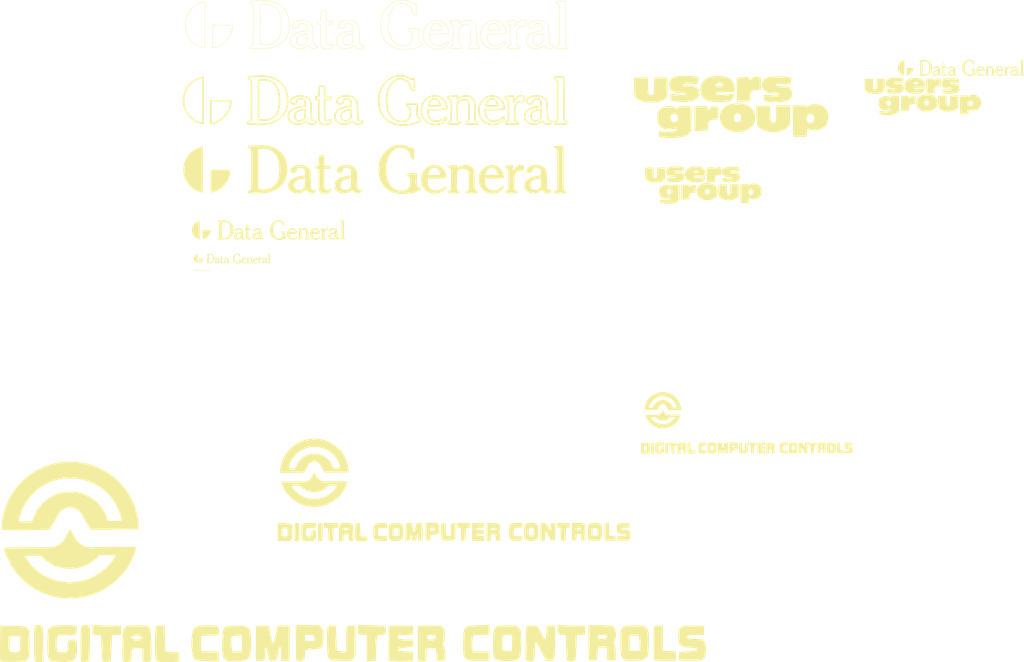
<source format=kicad_pcb>
(kicad_pcb (version 20221018) (generator pcbnew)
  (layers (0 "F.Cu" signal) (31 "B.Cu" signal) (34 "B.Paste" user) (35 "F.Paste" user) (36 "B.SilkS" user "B.Silkscreen") (37 "F.SilkS" user "F.Silkscreen") (38 "B.Mask" user) (39 "F.Mask" user) (44 "Edge.Cuts" user))
  (net 0 "")
  (gr_curve (pts (xy 174.896575 33.47507) (xy 175.03385 33.500825) (xy 175.09045 33.545902) (xy 175.1308 33.661645)) (stroke (width 0.125)) (layer "F.SilkS"))
  (gr_poly (pts (xy 126.938295 186.985069) (xy 127.029049 186.99484) (xy 127.116164 187.009519) (xy 127.197779 187.029058) (xy 127.27203 187.05341) (xy 127.305812 187.067377) (xy 127.337056 187.08253) (xy 127.365527 187.098863) (xy 127.390993 187.11637) (xy 127.413222 187.135045) (xy 127.43198 187.154883) (xy 127.44234 187.169192) (xy 127.45229 187.186771) (xy 127.461842 187.207798) (xy 127.471007 187.232452) (xy 127.488219 187.293351) (xy 127.504014 187.370893) (xy 127.51848 187.466504) (xy 127.531706 187.581607) (xy 127.543778 187.717628) (xy 127.554786 187.875991) (xy 127.564817 188.058122) (xy 127.57396 188.265445) (xy 127.582301 188.499385) (xy 127.589931 188.761368) (xy 127.603403 189.375159) (xy 127.615082 190.118216) (xy 127.652931 192.906546) (xy 127.032997 192.905047) (xy 126.905729 192.902954) (xy 126.781712 192.89766) (xy 126.664038 192.889515) (xy 126.555799 192.878872) (xy 126.460086 192.866082) (xy 126.379994 192.851498) (xy 126.346771 192.843642) (xy 126.318614 192.83547) (xy 126.295907 192.827025) (xy 126.279037 192.81835) (xy 126.279034 192.818217) (xy 126.26244 192.792327) (xy 126.246842 192.73762) (xy 126.218652 192.549361) (xy 126.174428 191.910685) (xy 126.146659 191.023854) (xy 126.135645 190.010532) (xy 126.141682 188.992385) (xy 126.165069 188.091076) (xy 126.206103 187.42827) (xy 126.233331 187.224326) (xy 126.265083 187.125632) (xy 126.283172 187.106718) (xy 126.304773 187.089142) (xy 126.329656 187.072897) (xy 126.357587 187.057979) (xy 126.388333 187.04438) (xy 126.421662 187.032096) (xy 126.495135 187.011446) (xy 126.576144 186.995984) (xy 126.662827 186.985661) (xy 126.753322 186.980433) (xy 126.845765 186.98025)) (fill solid) (layer "F.SilkS"))
  (gr_curve (pts (xy 191.1729 28.717342) (xy 190.9853 28.324287) (xy 190.58505 27.902627) (xy 190.23675 27.73114)) (stroke (width 0.125)) (layer "F.SilkS"))
  (gr_line (start 212.795625 59.53008) (end 212.812375 59.738635) (stroke (width 0.5)) (layer "F.SilkS"))
  (gr_line (start 205.238975 32.217747) (end 205.255725 31.008892) (stroke (width 0.125)) (layer "F.SilkS"))
  (gr_line (start 169.46335 29.848725) (end 169.74795 29.87185) (stroke (width 0.125)) (layer "F.SilkS"))
  (gr_poly (pts (xy 256.761076 161.385096) (xy 256.881027 161.389487) (xy 256.984611 161.396077) (xy 257.067695 161.404835) (xy 257.180048 161.420965) (xy 257.22597 161.428611) (xy 257.26578 161.436512) (xy 257.300022 161.445066) (xy 257.329241 161.454674) (xy 257.342137 161.459998) (xy 257.35398 161.465735) (xy 257.36484 161.471935) (xy 257.374784 161.478649) (xy 257.383881 161.485926) (xy 257.392197 161.493816) (xy 257.399802 161.502369) (xy 257.406762 161.511635) (xy 257.413147 161.521664) (xy 257.419024 161.532506) (xy 257.424462 161.544211) (xy 257.429527 161.556829) (xy 257.438815 161.585004) (xy 257.447431 161.617431) (xy 257.464825 161.696636) (xy 257.469719 161.722546) (xy 257.473948 161.749769) (xy 257.477514 161.778076) (xy 257.480416 161.807241) (xy 257.482657 161.837036) (xy 257.484235 161.867232) (xy 257.485408 161.927916) (xy 257.485004 161.957949) (xy 257.483941 161.987472) (xy 257.482219 162.016257) (xy 257.479838 162.044076) (xy 257.4768 162.070702) (xy 257.473105 162.095905) (xy 257.468753 162.11946) (xy 257.463745 162.141136) (xy 257.411974 162.341497) (xy 256.590359 162.373245) (xy 255.768745 162.404998) (xy 255.768745 163.865498) (xy 256.610119 163.883227) (xy 257.451493 163.900956) (xy 257.451493 164.84977) (xy 256.99112 164.83828) (xy 256.762259 164.830975) (xy 256.479448 164.819558) (xy 256.178629 164.805595) (xy 255.895744 164.790654) (xy 255.895744 164.790653) (xy 255.895743 164.790651) (xy 255.895743 164.79065) (xy 255.895742 164.790649) (xy 255.895741 164.790646) (xy 255.895739 164.790644) (xy 255.895738 164.790641) (xy 255.895736 164.790639) (xy 255.895733 164.790633) (xy 255.766712 164.782419) (xy 255.64352 164.772917) (xy 255.529055 164.762469) (xy 255.426216 164.751413) (xy 255.3379 164.740087) (xy 255.267007 164.728832) (xy 255.216434 164.717986) (xy 255.199673 164.712822) (xy 255.18908 164.707888) (xy 255.163931 164.687957) (xy 255.13948 164.661508) (xy 255.11576 164.628831) (xy 255.092805 164.590217) (xy 255.049332 164.496337) (xy 255.009335 164.382195) (xy 254.97309 164.250113) (xy 254.940874 164.102417) (xy 254.912961 163.94143) (xy 254.889627 163.769477) (xy 254.871148 163.588882) (xy 254.8578 163.40197) (xy 254.849858 163.211064) (xy 254.847598 163.01849) (xy 254.851296 162.82657) (xy 254.861227 162.637631) (xy 254.877667 162.453995) (xy 254.900891 162.277987) (xy 254.922546 162.148405) (xy 254.933343 162.092319) (xy 254.944429 162.041332) (xy 254.956038 161.994917) (xy 254.968402 161.952548) (xy 254.981756 161.913697) (xy 254.996331 161.877837) (xy 255.01236 161.844442) (xy 255.030078 161.812982) (xy 255.049715 161.782933) (xy 255.071507 161.753765) (xy 255.095684 161.724953) (xy 255.122481 161.695969) (xy 255.152131 161.666286) (xy 255.184866 161.635376) (xy 255.221357 161.602172) (xy 255.25523 161.572784) (xy 255.271523 161.55943) (xy 255.287566 161.546918) (xy 255.303496 161.535214) (xy 255.319448 161.52428) (xy 255.335556 161.514079) (xy 255.351956 161.504574) (xy 255.368784 161.495729) (xy 255.386174 161.487507) (xy 255.404262 161.479871) (xy 255.423183 161.472784) (xy 255.443073 161.46621) (xy 255.464066 161.460112) (xy 255.486298 161.454452) (xy 255.509904 161.449195) (xy 255.535019 161.444303) (xy 255.561779 161.43974) (xy 255.590319 161.435468) (xy 255.620774 161.431451) (xy 255.68797 161.424036) (xy 255.76445 161.417199) (xy 255.851294 161.410646) (xy 255.949587 161.404083) (xy 256.060409 161.397215) (xy 256.200226 161.390145) (xy 256.344332 161.385429) (xy 256.488597 161.383036) (xy 256.628889 161.382935)) (fill solid) (layer "F.SilkS"))
  (gr_curve (pts (xy 136.525 34.29) (xy 136.8182 34.60402) (xy 137.3467 34.668687) (xy 137.9375 34.462832)) (stroke (width 0.125)) (layer "F.SilkS"))
  (gr_poly (pts (xy 55.458103 167.494611) (xy 56.06351 167.50657) (xy 56.47117 167.524331) (xy 56.581917 167.534831) (xy 56.610708 167.540389) (xy 56.620516 167.546116) (xy 56.621471 167.54904) (xy 56.624304 167.552045) (xy 56.62897 167.555125) (xy 56.63542 167.558273) (xy 56.653489 167.564747) (xy 56.678137 167.571415) (xy 56.708989 167.578226) (xy 56.745671 167.585126) (xy 56.787808 167.592064) (xy 56.835027 167.598988) (xy 56.886952 167.605846) (xy 56.943209 167.612586) (xy 57.067223 167.625504) (xy 57.204074 167.637323) (xy 57.350765 167.647629) (xy 57.497457 167.657963) (xy 57.634308 167.669862) (xy 57.758322 167.682904) (xy 57.866504 167.696667) (xy 57.95586 167.710729) (xy 58.023394 167.724669) (xy 58.048042 167.731461) (xy 58.066111 167.738065) (xy 58.077227 167.744426) (xy 58.08006 167.7475) (xy 58.081015 167.750494) (xy 58.081327 167.753429) (xy 58.082251 167.756329) (xy 58.083772 167.75919) (xy 58.085875 167.762009) (xy 58.088546 167.764782) (xy 58.091767 167.767505) (xy 58.095526 167.770174) (xy 58.099805 167.772786) (xy 58.10459 167.775337) (xy 58.109865 167.777823) (xy 58.115616 167.780241) (xy 58.121826 167.782586) (xy 58.135567 167.787045) (xy 58.150964 167.791171) (xy 58.167896 167.794934) (xy 58.186241 167.798303) (xy 58.205876 167.80125) (xy 58.22668 167.803744) (xy 58.24853 167.805755) (xy 58.271305 167.807255) (xy 58.294882 167.808212) (xy 58.319139 167.808598) (xy 58.375948 167.809496) (xy 58.430489 167.811725) (xy 58.482494 167.815213) (xy 58.531699 167.819887) (xy 58.577836 167.825674) (xy 58.620641 167.832501) (xy 58.659846 167.840295) (xy 58.695185 167.848984) (xy 58.726393 167.858494) (xy 58.753202 167.868753) (xy 58.775348 167.879687) (xy 58.792564 167.891225) (xy 58.804583 167.903293) (xy 58.808561 167.909503) (xy 58.81114 167.915818) (xy 58.812287 167.922229) (xy 58.811968 167.928728) (xy 58.810151 167.935304) (xy 58.806802 167.941949) (xy 58.805709 167.944836) (xy 58.805996 167.947692) (xy 58.807631 167.950513) (xy 58.810584 167.953295) (xy 58.814821 167.956035) (xy 58.820312 167.958728) (xy 58.827026 167.961371) (xy 58.834929 167.963961) (xy 58.854182 167.968963) (xy 58.877817 167.973706) (xy 58.905583 167.978158) (xy 58.937226 167.98229) (xy 58.972494 167.986073) (xy 59.011134 167.989477) (xy 59.052894 167.99247) (xy 59.09752 167.995025) (xy 59.144761 167.997109) (xy 59.194363 167.998695) (xy 59.246074 167.999752) (xy 59.299642 168.000249) (xy 59.428345 168.002108) (xy 59.542548 168.006695) (xy 59.642737 168.014082) (xy 59.7294 168.02434) (xy 59.767812 168.030568) (xy 59.803024 168.03754) (xy 59.835098 168.045265) (xy 59.864095 168.053752) (xy 59.890075 168.06301) (xy 59.9131 168.073048) (xy 59.93323 168.083875) (xy 59.950527 168.095499) (xy 59.963867 168.104996) (xy 59.978373 168.114227) (xy 59.993902 168.123143) (xy 60.010314 168.131698) (xy 60.027469 168.139843) (xy 60.045225 168.147531) (xy 60.063443 168.154713) (xy 60.081981 168.161342) (xy 60.100698 168.167371) (xy 60.119455 168.172751) (xy 60.13811 168.177434) (xy 60.156523 168.181373) (xy 60.174553 168.184519) (xy 60.192059 168.186826) (xy 60.208901 168.188245) (xy 60.224938 168.188729) (xy 60.240829 168.189223) (xy 60.257244 168.190673) (xy 60.274058 168.19303) (xy 60.291142 168.196245) (xy 60.308371 168.200269) (xy 60.325619 168.205054) (xy 60.34276 168.21055) (xy 60.359666 168.216709) (xy 60.376213 168.223482) (xy 60.392272 168.230819) (xy 60.407719 168.238673) (xy 60.422426 168.246995) (xy 60.436268 168.255735) (xy 60.449117 168.264845) (xy 60.460849 168.274276) (xy 60.471336 168.283978) (xy 60.477544 168.289816) (xy 60.48431 168.29547) (xy 60.491632 168.300941) (xy 60.49951 168.306229) (xy 60.516933 168.316253) (xy 60.536571 168.325542) (xy 60.558419 168.334094) (xy 60.582472 168.341909) (xy 60.608725 168.348984) (xy 60.637171 168.35532) (xy 60.667806 168.360914) (xy 60.700623 168.365766) (xy 60.735617 168.369874) (xy 60.772783 168.373239) (xy 60.812114 168.375857) (xy 60.853607 168.377729) (xy 60.897254 168.378853) (xy 60.94305 168.379227) (xy 61.043148 168.380287) (xy 61.086334 168.38168) (xy 61.125187 168.38371) (xy 61.159887 168.386423) (xy 61.190618 168.389865) (xy 61.21756 168.394081) (xy 61.240895 168.399118) (xy 61.260805 168.405022) (xy 61.27747 168.411839) (xy 61.291074 168.419614) (xy 61.301797 168.428394) (xy 61.309821 168.438224) (xy 61.315327 168.44915) (xy 61.318498 168.461219) (xy 61.319515 168.474477) (xy 61.319723 168.480802) (xy 61.320352 168.486883) (xy 61.32141 168.492721) (xy 61.322905 168.49832) (xy 61.324844 168.503683) (xy 61.327235 168.508812) (xy 61.330086 168.51371) (xy 61.333405 168.518381) (xy 61.3372 168.522827) (xy 61.341477 168.527051) (xy 61.346245 168.531056) (xy 61.351513 168.534845) (xy 61.357286 168.538421) (xy 61.363574 168.541787) (xy 61.370383 168.544945) (xy 61.377723 168.547898) (xy 61.3856 168.550651) (xy 61.394021 168.553204) (xy 61.402996 168.555562) (xy 61.412532 168.557727) (xy 61.422636 168.559702) (xy 61.433316 168.56149) (xy 61.44458 168.563094) (xy 61.456436 168.564517) (xy 61.468891 168.565762) (xy 61.481954 168.566831) (xy 61.495631 168.567727) (xy 61.509931 168.568455) (xy 61.540431 168.569412) (xy 61.573514 168.569726) (xy 61.599388 168.570029) (xy 61.624537 168.570919) (xy 61.64883 168.572365) (xy 61.672137 168.574338) (xy 61.694328 168.576808) (xy 61.715273 168.579744) (xy 61.73484 168.583117) (xy 61.752901 168.586896) (xy 61.769325 168.591053) (xy 61.783981 168.595556) (xy 61.79674 168.600376) (xy 61.807471 168.605483) (xy 61.816044 168.610847) (xy 61.822329 168.616437) (xy 61.824573 168.619308) (xy 61.826196 168.622225) (xy 61.827181 168.625183) (xy 61.827513 168.62818) (xy 61.827762 168.631231) (xy 61.828502 168.634351) (xy 61.829719 168.637535) (xy 61.831402 168.640776) (xy 61.833538 168.644067) (xy 61.836115 168.647402) (xy 61.839122 168.650774) (xy 61.842545 168.654178) (xy 61.846373 168.657606) (xy 61.850593 168.661052) (xy 61.855194 168.66451) (xy 61.860163 168.667974) (xy 61.865487 168.671436) (xy 61.871155 168.674891) (xy 61.877154 168.678333) (xy 61.883473 168.681753) (xy 61.897019 168.688508) (xy 61.911695 168.695105) (xy 61.927403 168.701491) (xy 61.944046 168.707617) (xy 61.961527 168.713429) (xy 61.979746 168.718877) (xy 61.998608 168.72391) (xy 62.018014 168.728476) (xy 62.03742 168.733042) (xy 62.056282 168.738074) (xy 62.074501 168.743523) (xy 62.091982 168.749335) (xy 62.108625 168.75546) (xy 62.124333 168.761846) (xy 62.139009 168.768443) (xy 62.152555 168.775198) (xy 62.164873 168.782059) (xy 62.175865 168.788977) (xy 62.185435 168.795899) (xy 62.193483 168.802773) (xy 62.199913 168.809549) (xy 62.204627 168.816175) (xy 62.206309 168.819416) (xy 62.207526 168.8226) (xy 62.208266 168.825721) (xy 62.208515 168.828772) (xy 62.208758 168.831768) (xy 62.209479 168.834726) (xy 62.210668 168.837643) (xy 62.21231 168.840514) (xy 62.214396 168.843336) (xy 62.216912 168.846104) (xy 62.219847 168.848816) (xy 62.223188 168.851468) (xy 62.226925 168.854056) (xy 62.231045 168.856575) (xy 62.235536 168.859023) (xy 62.240386 168.861395) (xy 62.245584 168.863688) (xy 62.251117 168.865898) (xy 62.256974 168.868022) (xy 62.263142 168.870055) (xy 62.269609 168.871994) (xy 62.276365 168.873835) (xy 62.290691 168.877208) (xy 62.306025 168.880144) (xy 62.322272 168.882614) (xy 62.339337 168.884587) (xy 62.357123 168.886033) (xy 62.375535 168.886923) (xy 62.394479 168.887226) (xy 62.413917 168.88772) (xy 62.433779 168.88917) (xy 62.453922 168.891527) (xy 62.474201 168.894742) (xy 62.494472 168.898766) (xy 62.514591 168.903551) (xy 62.534414 168.909047) (xy 62.553796 168.915206) (xy 62.572593 168.921979) (xy 62.590662 168.929316) (xy 62.607857 168.937171) (xy 62.624035 168.945492) (xy 62.639052 168.954232) (xy 62.652763 168.963342) (xy 62.665025 168.972773) (xy 62.675692 168.982475) (xy 62.686253 168.992178) (xy 62.6982 169.001609) (xy 62.711399 169.010718) (xy 62.725718 169.019458) (xy 62.741023 169.02778) (xy 62.757179 169.035634) (xy 62.774054 169.042972) (xy 62.791514 169.049745) (xy 62.809425 169.055904) (xy 62.827654 169.0614) (xy 62.846068 169.066184) (xy 62.864531 169.070209) (xy 62.882912 169.073424) (xy 62.901077 169.07578) (xy 62.918891 169.07723) (xy 62.936222 169.077724) (xy 62.953248 169.078219) (xy 62.970168 169.079668) (xy 62.98688 169.082025) (xy 63.00328 169.08524) (xy 63.019264 169.089264) (xy 63.034729 169.094049) (xy 63.049571 169.099545) (xy 63.063687 169.105704) (xy 63.076973 169.112477) (xy 63.089326 169.119815) (xy 63.100642 169.127669) (xy 63.110818 169.13599) (xy 63.119751 169.14473) (xy 63.127336 169.15384) (xy 63.133471 169.163271) (xy 63.135962 169.168091) (xy 63.138052 169.172974) (xy 63.140115 169.177856) (xy 63.142528 169.182676) (xy 63.145279 169.187429) (xy 63.148356 169.192107) (xy 63.151748 169.196705) (xy 63.155444 169.201217) (xy 63.15943 169.205636) (xy 63.163697 169.209957) (xy 63.168232 169.214173) (xy 63.173023 169.218278) (xy 63.178059 169.222267) (xy 63.183329 169.226132) (xy 63.18882 169.229869) (xy 63.194521 169.23347) (xy 63.20042 169.23693) (xy 63.206506 169.240243) (xy 63.212767 169.243402) (xy 63.219192 169.246402) (xy 63.225768 169.249236) (xy 63.232484 169.251898) (xy 63.239329 169.254382) (xy 63.24629 169.256683) (xy 63.253357 169.258793) (xy 63.260517 169.260707) (xy 63.267759 169.262419) (xy 63.275071 169.263922) (xy 63.282441 169.265211) (xy 63.289859 169.266279) (xy 63.297312 169.26712) (xy 63.304788 169.267729) (xy 63.312277 169.268098) (xy 63.319766 169.268223) (xy 63.334743 169.268717) (xy 63.349671 169.270167) (xy 63.364459 169.272524) (xy 63.379013 169.275739) (xy 63.393239 169.279763) (xy 63.407045 169.284547) (xy 63.420337 169.290044) (xy 63.433023 169.296202) (xy 63.445008 169.302975) (xy 63.4562 169.310313) (xy 63.466506 169.318167) (xy 63.475832 169.326489) (xy 63.484086 169.335229) (xy 63.491174 169.344339) (xy 63.497003 169.353769) (xy 63.499416 169.35859) (xy 63.50148 169.363472) (xy 63.503563 169.368354) (xy 63.506036 169.373175) (xy 63.508887 169.377927) (xy 63.512102 169.382605) (xy 63.515669 169.387203) (xy 63.519575 169.391715) (xy 63.523808 169.396134) (xy 63.528354 169.400455) (xy 63.533202 169.404671) (xy 63.538339 169.408777) (xy 63.543751 169.412765) (xy 63.549427 169.416631) (xy 63.555354 169.420367) (xy 63.561518 169.423969) (xy 63.567908 169.427429) (xy 63.574511 169.430741) (xy 63.581314 169.433901) (xy 63.588305 169.4369) (xy 63.59547 169.439734) (xy 63.602797 169.442397) (xy 63.617888 169.447181) (xy 63.625626 169.449291) (xy 63.633476 169.451205) (xy 63.641424 169.452917) (xy 63.649459 169.45442) (xy 63.657568 169.455709) (xy 63.665738 169.456777) (xy 63.673956 169.457618) (xy 63.682209 169.458227) (xy 63.690486 169.458597) (xy 63.698773 169.458721) (xy 63.715148 169.459047) (xy 63.731063 169.460002) (xy 63.746437 169.461555) (xy 63.761187 169.463673) (xy 63.77523 169.466324) (xy 63.788485 169.469476) (xy 63.800868 169.473097) (xy 63.812298 169.477155) (xy 63.822692 169.481617) (xy 63.831967 169.486451) (xy 63.840042 169.491625) (xy 63.846833 169.497107) (xy 63.852259 169.502865) (xy 63.854434 169.505838) (xy 63.856236 169.508867) (xy 63.857656 169.511949) (xy 63.858683 169.515079) (xy 63.859307 169.518255) (xy 63.859517 169.521471) (xy 63.859849 169.524741) (xy 63.860835 169.528074) (xy 63.862458 169.531465) (xy 63.864701 169.534906) (xy 63.86755 169.53839) (xy 63.870986 169.541912) (xy 63.874995 169.545465) (xy 63.879559 169.549041) (xy 63.884663 169.552635) (xy 63.89029 169.556239) (xy 63.896424 169.559848) (xy 63.903049 169.563454) (xy 63.917705 169.570631) (xy 63.934129 169.577719) (xy 63.95219 169.584665) (xy 63.971757 169.591414) (xy 63.992701 169.597916) (xy 64.014892 169.604115) (xy 64.038199 169.60996) (xy 64.062492 169.615397) (xy 64.08764 169.620374) (xy 64.113514 169.624837) (xy 64.139389 169.629235) (xy 64.164538 169.634023) (xy 64.212138 169.644579) (xy 64.234329 169.650255) (xy 64.255274 169.656133) (xy 64.274842 169.662166) (xy 64.292903 169.668309) (xy 64.309327 169.674515) (xy 64.323983 169.680737) (xy 64.336742 169.686928) (xy 64.347473 169.693042) (xy 64.356047 169.699032) (xy 64.362332 169.704851) (xy 64.366198 169.710454) (xy 64.367184 169.713159) (xy 64.367516 169.715792) (xy 64.367765 169.718427) (xy 64.368504 169.721137) (xy 64.369721 169.723916) (xy 64.371404 169.726758) (xy 64.37354 169.729658) (xy 64.376118 169.732608) (xy 64.379124 169.735604) (xy 64.382548 169.73864) (xy 64.386375 169.741709) (xy 64.390596 169.744806) (xy 64.395196 169.747924) (xy 64.400165 169.751058) (xy 64.411158 169.757351) (xy 64.423475 169.763635) (xy 64.437021 169.769866) (xy 64.451697 169.775994) (xy 64.467405 169.781972) (xy 64.484049 169.787754) (xy 64.501529 169.793293) (xy 64.519749 169.79854) (xy 64.538611 169.803449) (xy 64.558016 169.807972) (xy 64.577422 169.812502) (xy 64.596284 169.81743) (xy 64.614504 169.822708) (xy 64.631984 169.828288) (xy 64.648627 169.834122) (xy 64.664336 169.840163) (xy 64.679012 169.846362) (xy 64.692557 169.852672) (xy 64.704875 169.859044) (xy 64.715868 169.865431) (xy 64.725437 169.871785) (xy 64.733485 169.878058) (xy 64.739915 169.884203) (xy 64.744629 169.89017) (xy 64.746312 169.893073) (xy 64.747529 169.895913) (xy 64.748268 169.898685) (xy 64.748517 169.901383) (xy 64.748725 169.904079) (xy 64.749341 169.906843) (xy 64.750355 169.909671) (xy 64.751757 169.912556) (xy 64.753537 169.915493) (xy 64.755685 169.918475) (xy 64.758191 169.921496) (xy 64.761043 169.924552) (xy 64.764233 169.927635) (xy 64.76775 169.93074) (xy 64.771584 169.933862) (xy 64.775724 169.936994) (xy 64.780161 169.940131) (xy 64.784885 169.943266) (xy 64.789884 169.946394) (xy 64.795149 169.94951) (xy 64.806438 169.955677) (xy 64.818667 169.961723) (xy 64.831758 169.967598) (xy 64.845627 169.973258) (xy 64.860194 169.978655) (xy 64.875377 169.983742) (xy 64.891096 169.988472) (xy 64.907267 169.992799) (xy 64.923439 169.997181) (xy 64.939156 170.002074) (xy 64.954339 170.007426) (xy 64.968906 170.013185) (xy 64.982775 170.019298) (xy 64.995865 170.025712) (xy 65.008095 170.032376) (xy 65.019383 170.039237) (xy 65.029648 170.046242) (xy 65.038808 170.05334) (xy 65.046782 170.060478) (xy 65.053489 170.067603) (xy 65.058847 170.074663) (xy 65.062775 170.081607) (xy 65.064177 170.085018) (xy 65.065192 170.088381) (xy 65.065807 170.091688) (xy 65.066015 170.094933) (xy 65.066181 170.098125) (xy 65.066674 170.101278) (xy 65.067485 170.104386) (xy 65.068607 170.107445) (xy 65.070031 170.110452) (xy 65.07175 170.113403) (xy 65.073754 170.116293) (xy 65.076036 170.119118) (xy 65.078588 170.121876) (xy 65.081402 170.12456) (xy 65.084469 170.127169) (xy 65.087781 170.129697) (xy 65.091331 170.13214) (xy 65.095109 170.134496) (xy 65.099109 170.136758) (xy 65.103321 170.138925) (xy 65.107738 170.140991) (xy 65.112352 170.142953) (xy 65.117154 170.144806) (xy 65.122136 170.146547) (xy 65.12729 170.148171) (xy 65.132608 170.149676) (xy 65.138082 170.151056) (xy 65.143704 170.152308) (xy 65.149465 170.153427) (xy 65.155358 170.15441) (xy 65.161374 170.155253) (xy 65.167505 170.155951) (xy 65.173743 170.156502) (xy 65.180079 170.1569) (xy 65.186507 170.157141) (xy 65.193017 170.157223) (xy 65.20607 170.157711) (xy 65.218731 170.159145) (xy 65.230937 170.161478) (xy 65.242626 170.164664) (xy 65.253737 170.168656) (xy 65.264206 170.173408) (xy 65.273973 170.178873) (xy 65.282975 170.185004) (xy 65.29115 170.191756) (xy 65.294908 170.195349) (xy 65.298437 170.199081) (xy 65.301727 170.202944) (xy 65.304772 170.206933) (xy 65.307564 170.211042) (xy 65.310095 170.215266) (xy 65.312357 170.219598) (xy 65.314343 170.224032) (xy 65.316044 170.228564) (xy 65.317454 170.233187) (xy 65.318563 170.237895) (xy 65.319366 170.242682) (xy 65.319853 170.247543) (xy 65.320017 170.252472) (xy 65.320189 170.25786) (xy 65.320704 170.263121) (xy 65.321557 170.268254) (xy 65.322742 170.273255) (xy 65.324256 170.27812) (xy 65.326093 170.282848) (xy 65.328249 170.287435) (xy 65.330718 170.291879) (xy 65.333497 170.296175) (xy 65.336581 170.300322) (xy 65.339965 170.304317) (xy 65.343644 170.308155) (xy 65.347613 170.311836) (xy 65.351868 170.315354) (xy 65.356405 170.318709) (xy 65.361217 170.321896) (xy 65.366302 170.324912) (xy 65.371653 170.327756) (xy 65.377267 170.330423) (xy 65.383138 170.332911) (xy 65.389263 170.335217) (xy 65.395635 170.337338) (xy 65.402251 170.339271) (xy 65.409105 170.341013) (xy 65.416194 170.342561) (xy 65.423512 170.343912) (xy 65.431055 170.345064) (xy 65.438818 170.346013) (xy 65.446795 170.346756) (xy 65.454984 170.34729) (xy 65.463378 170.347613) (xy 65.471974 170.347721) (xy 65.487643 170.348215) (xy 65.503245 170.349665) (xy 65.518682 170.352022) (xy 65.53386 170.355237) (xy 65.54868 170.359261) (xy 65.563046 170.364046) (xy 65.576861 170.369542) (xy 65.59003 170.375701) (xy 65.602454 170.382474) (xy 65.614038 170.389811) (xy 65.624685 170.397666) (xy 65.634299 170.405987) (xy 65.642781 170.414727) (xy 65.650037 170.423837) (xy 65.655969 170.433268) (xy 65.658408 170.438088) (xy 65.660481 170.44297) (xy 65.662564 170.447853) (xy 65.665038 170.452673) (xy 65.667888 170.457425) (xy 65.671103 170.462104) (xy 65.67467 170.466702) (xy 65.678576 170.471213) (xy 65.682809 170.475633) (xy 65.687355 170.479953) (xy 65.692203 170.48417) (xy 65.69734 170.488275) (xy 65.702752 170.492264) (xy 65.708428 170.496129) (xy 65.714355 170.499866) (xy 65.720519 170.503467) (xy 65.726909 170.506927) (xy 65.733512 170.51024) (xy 65.740315 170.513399) (xy 65.747305 170.516399) (xy 65.75447 170.519233) (xy 65.761798 170.521895) (xy 65.776888 170.526679) (xy 65.784626 170.52879) (xy 65.792476 170.530704) (xy 65.800425 170.532415) (xy 65.808459 170.533919) (xy 65.816568 170.535207) (xy 65.824737 170.536275) (xy 65.832955 170.537117) (xy 65.841209 170.537725) (xy 65.849485 170.538095) (xy 65.857772 170.538219) (xy 65.876148 170.538635) (xy 65.893548 170.539868) (xy 65.909945 170.541904) (xy 65.925308 170.544724) (xy 65.939609 170.54831) (xy 65.95282 170.552647) (xy 65.96491 170.557717) (xy 65.97585 170.563501) (xy 65.985613 170.569984) (xy 65.990043 170.573482) (xy 65.994168 170.577148) (xy 65.997984 170.58098) (xy 66.001487 170.584976) (xy 66.004673 170.589134) (xy 66.00754 170.593451) (xy 66.010083 170.597925) (xy 66.012298 170.602554) (xy 66.014183 170.607337) (xy 66.015733 170.61227) (xy 66.016945 170.617352) (xy 66.017815 170.62258) (xy 66.01834 170.627953) (xy 66.018516 170.633469) (xy 66.018641 170.638351) (xy 66.01901 170.643171) (xy 66.019619 170.647924) (xy 66.02046 170.652602) (xy 66.021528 170.6572) (xy 66.022817 170.661712) (xy 66.02432 170.666131) (xy 66.026032 170.670452) (xy 66.027946 170.674668) (xy 66.030056 170.678773) (xy 66.032357 170.682762) (xy 66.034841 170.686627) (xy 66.037503 170.690364) (xy 66.040338 170.693965) (xy 66.043337 170.697425) (xy 66.046497 170.700738) (xy 66.049809 170.703897) (xy 66.053269 170.706897) (xy 66.056871 170.709731) (xy 66.060607 170.712393) (xy 66.064473 170.714877) (xy 66.068461 170.717178) (xy 66.072567 170.719288) (xy 66.076783 170.721202) (xy 66.081104 170.722914) (xy 66.085523 170.724417) (xy 66.090035 170.725706) (xy 66.094632 170.726774) (xy 66.099311 170.727615) (xy 66.104063 170.728224) (xy 66.108883 170.728593) (xy 66.113765 170.728718) (xy 66.123468 170.729012) (xy 66.132899 170.729873) (xy 66.142009 170.731274) (xy 66.150749 170.733185) (xy 66.159071 170.735577) (xy 66.166925 170.738421) (xy 66.174263 170.741688) (xy 66.181036 170.745349) (xy 66.187194 170.749374) (xy 66.19269 170.753736) (xy 66.197475 170.758404) (xy 66.199585 170.760845) (xy 66.201499 170.763351) (xy 66.20321 170.765919) (xy 66.204714 170.768546) (xy 66.206002 170.771228) (xy 66.20707 170.773961) (xy 66.207912 170.776742) (xy 66.20852 170.779567) (xy 66.20889 170.782432) (xy 66.209014 170.785334) (xy 66.209222 170.788288) (xy 66.209838 170.791308) (xy 66.210852 170.794388) (xy 66.212255 170.79752) (xy 66.214035 170.8007) (xy 66.216183 170.803921) (xy 66.218688 170.807177) (xy 66.221541 170.810461) (xy 66.224731 170.813768) (xy 66.228248 170.81709) (xy 66.232082 170.820423) (xy 66.236222 170.82376) (xy 66.240659 170.827095) (xy 66.245383 170.830421) (xy 66.250382 170.833732) (xy 66.255648 170.837023) (xy 66.261169 170.840286) (xy 66.266936 170.843517) (xy 66.279166 170.849853) (xy 66.292256 170.855983) (xy 66.306125 170.861855) (xy 66.320692 170.867423) (xy 66.335875 170.872634) (xy 66.351593 170.877441) (xy 66.367765 170.881794) (xy 66.383936 170.886176) (xy 66.399654 170.891069) (xy 66.414837 170.896422) (xy 66.429404 170.90218) (xy 66.443273 170.908293) (xy 66.456363 170.914707) (xy 66.468593 170.921371) (xy 66.479881 170.928232) (xy 66.490146 170.935238) (xy 66.499307 170.942335) (xy 66.507281 170.949473) (xy 66.513988 170.956598) (xy 66.519346 170.963659) (xy 66.523275 170.970602) (xy 66.524677 170.974013) (xy 66.525691 170.977376) (xy 66.526307 170.980683) (xy 66.526515 170.983928) (xy 66.526764 170.987121) (xy 66.527503 170.990273) (xy 66.52872 170.993381) (xy 66.530403 170.996441) (xy 66.532539 170.999447) (xy 66.535117 171.002398) (xy 66.538123 171.005288) (xy 66.541546 171.008114) (xy 66.545374 171.010871) (xy 66.549595 171.013556) (xy 66.554195 171.016164) (xy 66.559164 171.018692) (xy 66.564488 171.021136) (xy 66.570156 171.023491) (xy 66.576156 171.025754) (xy 66.582474 171.02792) (xy 66.5891 171.029986) (xy 66.59602 171.031948) (xy 66.603223 171.033801) (xy 66.610696 171.035542) (xy 66.626404 171.038671) (xy 66.643048 171.041303) (xy 66.660528 171.043405) (xy 66.678748 171.044947) (xy 66.697609 171.045895) (xy 66.717015 171.046218) (xy 66.740084 171.04659) (xy 66.761664 171.047706) (xy 66.781755 171.049567) (xy 66.800359 171.052171) (xy 66.817474 171.05552) (xy 66.833101 171.059613) (xy 66.84724 171.06445) (xy 66.85989 171.070031) (xy 66.871053 171.076356) (xy 66.880727 171.083425) (xy 66.885005 171.087239) (xy 66.888912 171.091239) (xy 66.892447 171.095424) (xy 66.89561 171.099796) (xy 66.8984 171.104354) (xy 66.900819 171.109098) (xy 66.902865 171.114028) (xy 66.904539 171.119143) (xy 66.905842 171.124445) (xy 66.906772 171.129933) (xy 66.90733 171.135607) (xy 66.907516 171.141467) (xy 66.907638 171.14635) (xy 66.907999 171.15117) (xy 66.908593 171.155922) (xy 66.909415 171.160601) (xy 66.910459 171.165199) (xy 66.911718 171.16971) (xy 66.913187 171.17413) (xy 66.914859 171.17845) (xy 66.916729 171.182667) (xy 66.91879 171.186772) (xy 66.921038 171.190761) (xy 66.923465 171.194626) (xy 66.926066 171.198363) (xy 66.928835 171.201964) (xy 66.931766 171.205424) (xy 66.934852 171.208737) (xy 66.938089 171.211896) (xy 66.941469 171.214896) (xy 66.944988 171.21773) (xy 66.948639 171.220392) (xy 66.952415 171.222876) (xy 66.956312 171.225176) (xy 66.960323 171.227287) (xy 66.964443 171.229201) (xy 66.968664 171.230912) (xy 66.972982 171.232415) (xy 66.97739 171.233704) (xy 66.981883 171.234772) (xy 66.986454 171.235614) (xy 66.991097 171.236222) (xy 66.995807 171.236592) (xy 67.000577 171.236716) (xy 67.005602 171.236966) (xy 67.011068 171.237705) (xy 67.023248 171.240605) (xy 67.036971 171.245318) (xy 67.052088 171.251748) (xy 67.068451 171.259797) (xy 67.085914 171.269366) (xy 67.104329 171.280358) (xy 67.123547 171.292676) (xy 67.143421 171.306222) (xy 67.163805 171.320898) (xy 67.184549 171.336606) (xy 67.205506 171.353249) (xy 67.226529 171.37073) (xy 67.247471 171.38895) (xy 67.268183 171.407811) (xy 67.288517 171.427217) (xy 67.328915 171.465485) (xy 67.369022 171.501185) (xy 67.407787 171.533536) (xy 67.426338 171.548212) (xy 67.444159 171.561758) (xy 67.46112 171.574076) (xy 67.477088 171.585068) (xy 67.491933 171.594638) (xy 67.505523 171.602686) (xy 67.517726 171.609116) (xy 67.528412 171.61383) (xy 67.537448 171.616729) (xy 67.544705 171.617718) (xy 67.547847 171.617842) (xy 67.55095 171.618212) (xy 67.554009 171.61882) (xy 67.55702 171.619662) (xy 67.55998 171.62073) (xy 67.562884 171.622019) (xy 67.565728 171.623522) (xy 67.56851 171.625234) (xy 67.571223 171.627148) (xy 67.573866 171.629258) (xy 67.576433 171.631558) (xy 67.578922 171.634042) (xy 67.581327 171.636704) (xy 67.583645 171.639538) (xy 67.585872 171.642538) (xy 67.588005 171.645697) (xy 67.590038 171.64901) (xy 67.591969 171.65247) (xy 67.593793 171.656072) (xy 67.595507 171.659808) (xy 67.597106 171.663674) (xy 67.598587 171.667662) (xy 67.599945 171.671768) (xy 67.601177 171.675984) (xy 67.602279 171.680304) (xy 67.603247 171.684724) (xy 67.604076 171.689235) (xy 67.604764 171.693833) (xy 67.605305 171.698512) (xy 67.605697 171.703264) (xy 67.605935 171.708085) (xy 67.606015 171.712967) (xy 67.60614 171.717849) (xy 67.606509 171.72267) (xy 67.607118 171.727422) (xy 67.607959 171.7321) (xy 67.609027 171.736698) (xy 67.610316 171.74121) (xy 67.611819 171.745629) (xy 67.613531 171.74995) (xy 67.615445 171.754166) (xy 67.617555 171.758272) (xy 67.619855 171.76226) (xy 67.622339 171.766126) (xy 67.625001 171.769862) (xy 67.627835 171.773464) (xy 67.630835 171.776924) (xy 67.633994 171.780236) (xy 67.637307 171.783396) (xy 67.640767 171.786395) (xy 67.644368 171.789229) (xy 67.648105 171.791891) (xy 67.65197 171.794376) (xy 67.655959 171.796676) (xy 67.660064 171.798786) (xy 67.66428 171.8007) (xy 67.668601 171.802412) (xy 67.67302 171.803915) (xy 67.677532 171.805204) (xy 67.68213 171.806272) (xy 67.686809 171.807113) (xy 67.691561 171.807722) (xy 67.696382 171.808092) (xy 67.701264 171.808216) (xy 67.710967 171.808545) (xy 67.720398 171.809512) (xy 67.729508 171.811083) (xy 67.738248 171.813227) (xy 67.746569 171.81591) (xy 67.754423 171.819099) (xy 67.761761 171.822764) (xy 67.768534 171.82687) (xy 67.774693 171.831385) (xy 67.780189 171.836277) (xy 67.782673 171.838854) (xy 67.784974 171.841513) (xy 67.787084 171.84425) (xy 67.788998 171.847061) (xy 67.790709 171.849942) (xy 67.792213 171.852888) (xy 67.793501 171.855896) (xy 67.79457 171.858961) (xy 67.795411 171.86208) (xy 67.796019 171.865248) (xy 67.796389 171.868462) (xy 67.796514 171.871717) (xy 67.796703 171.874972) (xy 67.797265 171.878186) (xy 67.798191 171.881354) (xy 67.799471 171.884473) (xy 67.801096 171.887538) (xy 67.803057 171.890546) (xy 67.805344 171.893493) (xy 67.807949 171.896373) (xy 67.810861 171.899184) (xy 67.814071 171.901921) (xy 67.817571 171.90458) (xy 67.821351 171.907157) (xy 67.825401 171.909648) (xy 67.829713 171.912049) (xy 67.834277 171.914356) (xy 67.839083 171.916564) (xy 67.844124 171.918671) (xy 67.849388 171.92067) (xy 67.854867 171.92256) (xy 67.860552 171.924335) (xy 67.866434 171.925991) (xy 67.872502 171.927524) (xy 67.878748 171.928931) (xy 67.885163 171.930207) (xy 67.891737 171.931348) (xy 67.898461 171.932351) (xy 67.905325 171.93321) (xy 67.912321 171.933922) (xy 67.919439 171.934483) (xy 67.92667 171.934889) (xy 67.934004 171.935135) (xy 67.941432 171.935218) (xy 67.95021 171.935522) (xy 67.959292 171.936432) (xy 67.96867 171.937942) (xy 67.978337 171.940048) (xy 67.988287 171.942744) (xy 67.998512 171.946026) (xy 68.019762 171.954325) (xy 68.04203 171.964906) (xy 68.065261 171.977729) (xy 68.0894 171.992754) (xy 68.114391 172.00994) (xy 68.140178 172.029249) (xy 68.166706 172.050639) (xy 68.193918 172.074071) (xy 68.22176 172.099504) (xy 68.250176 172.1269) (xy 68.27911 172.156217) (xy 68.308506 172.187416) (xy 68.338309 172.220457) (xy 68.367678 172.253001) (xy 68.396766 172.283836) (xy 68.425499 172.312909) (xy 68.453803 172.340166) (xy 68.481604 172.365555) (xy 68.508829 172.389021) (xy 68.535404 172.410511) (xy 68.561254 172.429973) (xy 68.586307 172.447352) (xy 68.610489 172.462595) (xy 68.633725 172.475649) (xy 68.655941 172.48646) (xy 68.677065 172.494974) (xy 68.697022 172.501139) (xy 68.715738 172.504902) (xy 68.733139 172.506207) (xy 68.748659 172.506719) (xy 68.763522 172.508108) (xy 68.777681 172.510343) (xy 68.791087 172.513392) (xy 68.803694 172.517225) (xy 68.815454 172.521808) (xy 68.826319 172.527111) (xy 68.836242 172.533101) (xy 68.845176 172.539746) (xy 68.849257 172.543305) (xy 68.853072 172.547016) (xy 68.856617 172.550876) (xy 68.859885 172.554879) (xy 68.862869 172.559022) (xy 68.865565 172.563302) (xy 68.867965 172.567714) (xy 68.870065 172.572254) (xy 68.871858 172.576918) (xy 68.873338 172.581703) (xy 68.8745 172.586605) (xy 68.875337 172.591618) (xy 68.875844 172.59674) (xy 68.876014 172.601967) (xy 68.876139 172.606849) (xy 68.876508 172.61167) (xy 68.877117 172.616422) (xy 68.877958 172.6211) (xy 68.879027 172.625698) (xy 68.880315 172.63021) (xy 68.881819 172.634629) (xy 68.88353 172.63895) (xy 68.885444 172.643166) (xy 68.887555 172.647272) (xy 68.889855 172.65126) (xy 68.892339 172.655126) (xy 68.895002 172.658862) (xy 68.897836 172.662464) (xy 68.900835 172.665924) (xy 68.903995 172.669236) (xy 68.907307 172.672396) (xy 68.910768 172.675395) (xy 68.914369 172.678229) (xy 68.918106 172.680891) (xy 68.921971 172.683376) (xy 68.92596 172.685676) (xy 68.930065 172.687786) (xy 68.934281 172.6897) (xy 68.938602 172.691412) (xy 68.943021 172.692915) (xy 68.947533 172.694204) (xy 68.952131 172.695272) (xy 68.956809 172.696113) (xy 68.961561 172.696722) (xy 68.966381 172.697091) (xy 68.971263 172.697216) (xy 68.976146 172.697341) (xy 68.980966 172.69771) (xy 68.985719 172.698319) (xy 68.990397 172.69916) (xy 68.994996 172.700228) (xy 68.999507 172.701517) (xy 69.003927 172.70302) (xy 69.008248 172.704732) (xy 69.012464 172.706646) (xy 69.016569 172.708756) (xy 69.020558 172.711056) (xy 69.024423 172.713541) (xy 69.02816 172.716203) (xy 69.031761 172.719037) (xy 69.035221 172.722036) (xy 69.038534 172.725196) (xy 69.041693 172.728508) (xy 69.044693 172.731968) (xy 69.047526 172.73557) (xy 69.050189 172.739306) (xy 69.052673 172.743172) (xy 69.054973 172.74716) (xy 69.057083 172.751266) (xy 69.058997 172.755482) (xy 69.060709 172.759803) (xy 69.062212 172.764222) (xy 69.0635 172.768734) (xy 69.064569 172.773332) (xy 69.06541 172.77801) (xy 69.066018 172.782762) (xy 69.066388 172.787583) (xy 69.066513 172.792465) (xy 69.066868 172.802168) (xy 69.067911 172.811599) (xy 69.069606 172.820708) (xy 69.071919 172.829448) (xy 69.074813 172.83777) (xy 69.078255 172.845624) (xy 69.082208 172.852962) (xy 69.086638 172.859735) (xy 69.09151 172.865894) (xy 69.096788 172.87139) (xy 69.099569 172.873874) (xy 69.102437 172.876174) (xy 69.105391 172.878285) (xy 69.108423 172.880199) (xy 69.111531 172.88191) (xy 69.11471 172.883413) (xy 69.117955 172.884702) (xy 69.121263 172.88577) (xy 69.124628 172.886612) (xy 69.128047 172.88722) (xy 69.131514 172.88759) (xy 69.135026 172.887714) (xy 69.144683 172.889268) (xy 69.156804 172.893809) (xy 69.171208 172.901155) (xy 69.187712 172.911125) (xy 69.226295 172.938207) (xy 69.271102 172.973603) (xy 69.320676 173.015859) (xy 69.373566 173.063521) (xy 69.428318 173.115136) (xy 69.483478 173.16925) (xy 69.537592 173.22441) (xy 69.589207 173.279162) (xy 69.636869 173.332051) (xy 69.679125 173.381626) (xy 69.714521 173.426432) (xy 69.741604 173.465015) (xy 69.751573 173.481519) (xy 69.758919 173.495922) (xy 69.76346 173.508043) (xy 69.765014 173.5177) (xy 69.765139 173.521212) (xy 69.765508 173.52468) (xy 69.766117 173.528098) (xy 69.766958 173.531463) (xy 69.768026 173.534771) (xy 69.769315 173.538016) (xy 69.770818 173.541195) (xy 69.77253 173.544303) (xy 69.774444 173.547336) (xy 69.776554 173.550289) (xy 69.778854 173.553158) (xy 69.781338 173.555938) (xy 69.784 173.558626) (xy 69.786834 173.561216) (xy 69.789834 173.563705) (xy 69.792993 173.566088) (xy 69.796306 173.568361) (xy 69.799766 173.570518) (xy 69.803367 173.572557) (xy 69.807103 173.574472) (xy 69.810969 173.576258) (xy 69.814958 173.577913) (xy 69.819063 173.579431) (xy 69.823279 173.580808) (xy 69.8276 173.582039) (xy 69.832019 173.58312) (xy 69.836531 173.584047) (xy 69.841129 173.584815) (xy 69.845808 173.58542) (xy 69.85056 173.585858) (xy 69.855381 173.586124) (xy 69.860263 173.586214) (xy 69.865146 173.586338) (xy 69.869966 173.586708) (xy 69.874718 173.587316) (xy 69.879397 173.588158) (xy 69.883995 173.589226) (xy 69.888506 173.590515) (xy 69.892926 173.592018) (xy 69.897247 173.593729) (xy 69.901463 173.595643) (xy 69.905568 173.597754) (xy 69.909557 173.600054) (xy 69.913422 173.602538) (xy 69.917159 173.6052) (xy 69.92076 173.608034) (xy 69.92422 173.611034) (xy 69.927533 173.614193) (xy 69.930692 173.617506) (xy 69.933692 173.620966) (xy 69.936526 173.624567) (xy 69.939188 173.628304) (xy 69.941672 173.63217) (xy 69.943972 173.636158) (xy 69.946083 173.640263) (xy 69.947997 173.64448) (xy 69.949708 173.6488) (xy 69.951212 173.65322) (xy 69.9525 173.657731) (xy 69.953568 173.662329) (xy 69.95441 173.667008) (xy 69.955018 173.67176) (xy 69.955388 173.67658) (xy 69.955512 173.681463) (xy 69.955637 173.686345) (xy 69.956007 173.691166) (xy 69.956615 173.695918) (xy 69.957456 173.700596) (xy 69.958524 173.705194) (xy 69.959813 173.709706) (xy 69.961316 173.714125) (xy 69.963028 173.718446) (xy 69.964942 173.722662) (xy 69.967052 173.726768) (xy 69.969352 173.730756) (xy 69.971836 173.734622) (xy 69.974499 173.738358) (xy 69.977332 173.74196) (xy 69.980332 173.74542) (xy 69.983491 173.748732) (xy 69.986804 173.751892) (xy 69.990264 173.754891) (xy 69.993865 173.757725) (xy 69.997602 173.760387) (xy 70.001467 173.762872) (xy 70.005456 173.765172) (xy 70.009561 173.767282) (xy 70.013777 173.769196) (xy 70.018098 173.770908) (xy 70.022518 173.772411) (xy 70.027029 173.7737) (xy 70.031628 173.774768) (xy 70.036306 173.775609) (xy 70.041059 173.776218) (xy 70.045879 173.776587) (xy 70.050762 173.776712) (xy 70.055644 173.776837) (xy 70.060464 173.777206) (xy 70.065217 173.777815) (xy 70.069895 173.778656) (xy 70.074493 173.779724) (xy 70.079005 173.781013) (xy 70.083424 173.782516) (xy 70.087745 173.784228) (xy 70.091961 173.786142) (xy 70.096066 173.788252) (xy 70.100055 173.790552) (xy 70.10392 173.793037) (xy 70.107657 173.795699) (xy 70.111258 173.798533) (xy 70.114718 173.801532) (xy 70.118031 173.804692) (xy 70.12119 173.808004) (xy 70.12419 173.811464) (xy 70.127024 173.815066) (xy 70.129686 173.818802) (xy 70.132171 173.822668) (xy 70.134471 173.826656) (xy 70.136581 173.830762) (xy 70.138495 173.834978) (xy 70.140207 173.839299) (xy 70.14171 173.843718) (xy 70.142999 173.84823) (xy 70.144067 173.852828) (xy 70.144908 173.857506) (xy 70.145517 173.862258) (xy 70.145886 173.867079) (xy 70.146011 173.871961) (xy 70.146366 173.881664) (xy 70.147409 173.891095) (xy 70.149104 173.900204) (xy 70.151417 173.908944) (xy 70.154311 173.917266) (xy 70.157753 173.92512) (xy 70.161706 173.932458) (xy 70.166136 173.939231) (xy 70.171008 173.94539) (xy 70.176286 173.950886) (xy 70.179066 173.95337) (xy 70.181935 173.95567) (xy 70.184888 173.957781) (xy 70.187921 173.959694) (xy 70.191028 173.961406) (xy 70.194207 173.962909) (xy 70.197452 173.964198) (xy 70.20076 173.965266) (xy 70.204125 173.966108) (xy 70.207543 173.966716) (xy 70.21101 173.967086) (xy 70.214522 173.96721) (xy 70.224179 173.968764) (xy 70.2363 173.973305) (xy 70.250704 173.980651) (xy 70.267208 173.990621) (xy 70.305792 174.017703) (xy 70.350598 174.053099) (xy 70.400172 174.095355) (xy 70.453062 174.143017) (xy 70.507814 174.194632) (xy 70.562974 174.248746) (xy 70.617088 174.303906) (xy 70.668703 174.358657) (xy 70.716365 174.411547) (xy 70.758621 174.461122) (xy 70.794017 174.505928) (xy 70.8211 174.544511) (xy 70.831069 174.561015) (xy 70.838415 174.575418) (xy 70.842956 174.587539) (xy 70.84451 174.597196) (xy 70.844635 174.600708) (xy 70.845004 174.604176) (xy 70.845613 174.607594) (xy 70.846454 174.610959) (xy 70.847522 174.614267) (xy 70.848811 174.617512) (xy 70.850314 174.620691) (xy 70.852026 174.623799) (xy 70.85394 174.626832) (xy 70.85605 174.629785) (xy 70.85835 174.632654) (xy 70.860834 174.635434) (xy 70.863496 174.638122) (xy 70.86633 174.640712) (xy 70.86933 174.643201) (xy 70.872489 174.645584) (xy 70.875802 174.647856) (xy 70.879262 174.650014) (xy 70.882863 174.652053) (xy 70.886599 174.653968) (xy 70.890465 174.655754) (xy 70.894454 174.657409) (xy 70.898559 174.658927) (xy 70.902775 174.660304) (xy 70.907096 174.661535) (xy 70.911515 174.662616) (xy 70.916027 174.663543) (xy 70.920625 174.664311) (xy 70.925304 174.664916) (xy 70.930056 174.665354) (xy 70.934877 174.66562) (xy 70.939759 174.66571) (xy 70.944641 174.665834) (xy 70.949462 174.666204) (xy 70.954214 174.666812) (xy 70.958892 174.667654) (xy 70.96349 174.668722) (xy 70.968002 174.670011) (xy 70.972421 174.671514) (xy 70.976742 174.673225) (xy 70.980958 174.675139) (xy 70.985063 174.67725) (xy 70.989052 174.67955) (xy 70.992917 174.682034) (xy 70.996654 174.684696) (xy 71.000255 174.68753) (xy 71.003715 174.69053) (xy 71.007028 174.693689) (xy 71.010187 174.697002) (xy 71.013187 174.700462) (xy 71.016021 174.704063) (xy 71.018683 174.7078) (xy 71.021168 174.711666) (xy 71.023468 174.715654) (xy 71.025578 174.719759) (xy 71.027492 174.723976) (xy 71.029204 174.728296) (xy 71.030707 174.732716) (xy 71.031996 174.737227) (xy 71.033064 174.741825) (xy 71.033906 174.746504) (xy 71.034514 174.751256) (xy 71.034884 174.756077) (xy 71.035008 174.760959) (xy 71.035133 174.765841) (xy 71.035503 174.770662) (xy 71.036111 174.775414) (xy 71.036952 174.780092) (xy 71.038021 174.78469) (xy 71.039309 174.789202) (xy 71.040812 174.793621) (xy 71.042524 174.797942) (xy 71.044438 174.802158) (xy 71.046548 174.806264) (xy 71.048848 174.810252) (xy 71.051332 174.814118) (xy 71.053995 174.817854) (xy 71.056828 174.821456) (xy 71.059828 174.824916) (xy 71.062987 174.828228) (xy 71.0663 174.831388) (xy 71.06976 174.834387) (xy 71.073361 174.837221) (xy 71.077098 174.839883) (xy 71.080963 174.842368) (xy 71.084952 174.844668) (xy 71.089057 174.846778) (xy 71.093273 174.848692) (xy 71.097594 174.850404) (xy 71.102014 174.851907) (xy 71.106525 174.853196) (xy 71.111124 174.854264) (xy 71.115802 174.855105) (xy 71.120555 174.855714) (xy 71.125375 174.856083) (xy 71.130258 174.856208) (xy 71.13996 174.856563) (xy 71.149391 174.857604) (xy 71.158501 174.859296) (xy 71.167241 174.861604) (xy 71.175563 174.864493) (xy 71.183417 174.867928) (xy 71.190755 174.871874) (xy 71.197528 174.876296) (xy 71.203687 174.881159) (xy 71.209184 174.886427) (xy 71.211668 174.889202) (xy 71.213969 174.892066) (xy 71.216079 174.895013) (xy 71.217993 174.89804) (xy 71.219705 174.901143) (xy 71.221208 174.904316) (xy 71.222497 174.907555) (xy 71.223565 174.910856) (xy 71.224406 174.914215) (xy 71.225015 174.917627) (xy 71.225385 174.921088) (xy 71.225509 174.924593) (xy 71.225758 174.928348) (xy 71.226497 174.932548) (xy 71.227715 174.937177) (xy 71.229397 174.942219) (xy 71.234111 174.953473) (xy 71.240541 174.966178) (xy 71.248589 174.9802) (xy 71.258158 174.995408) (xy 71.269151 175.011669) (xy 71.281468 175.028849) (xy 71.295014 175.046816) (xy 71.30969 175.065438) (xy 71.325398 175.084581) (xy 71.342041 175.104114) (xy 71.359521 175.123902) (xy 71.377741 175.143814) (xy 71.396602 175.163716) (xy 71.416007 175.183477) (xy 71.435413 175.203231) (xy 71.454274 175.223116) (xy 71.472494 175.242999) (xy 71.489974 175.262748) (xy 71.506617 175.282231) (xy 71.522325 175.301315) (xy 71.537001 175.319869) (xy 71.550547 175.337761) (xy 71.562864 175.354858) (xy 71.573857 175.371028) (xy 71.583426 175.386139) (xy 71.591474 175.400059) (xy 71.597904 175.412656) (xy 71.602618 175.423798) (xy 71.605518 175.433352) (xy 71.606506 175.441186) (xy 71.606713 175.444824) (xy 71.607329 175.448796) (xy 71.608344 175.45309) (xy 71.609746 175.457691) (xy 71.613674 175.467759) (xy 71.619032 175.478892) (xy 71.625739 175.49098) (xy 71.633713 175.503912) (xy 71.642873 175.517579) (xy 71.653138 175.531871) (xy 71.664426 175.546679) (xy 71.676656 175.561891) (xy 71.689746 175.577399) (xy 71.703616 175.593092) (xy 71.718183 175.60886) (xy 71.733367 175.624595) (xy 71.749086 175.640185) (xy 71.765258 175.655521) (xy 71.78143 175.670853) (xy 71.797148 175.686433) (xy 71.812331 175.70215) (xy 71.826898 175.717896) (xy 71.840767 175.733561) (xy 71.853857 175.749034) (xy 71.866087 175.764207) (xy 71.877375 175.778971) (xy 71.887639 175.793215) (xy 71.8968 175.80683) (xy 71.904774 175.819706) (xy 71.91148 175.831735) (xy 71.916838 175.842805) (xy 71.920766 175.852809) (xy 71.923183 175.861636) (xy 71.923799 175.865574) (xy 71.924006 175.869177) (xy 71.924131 175.872587) (xy 71.9245 175.875954) (xy 71.925109 175.879274) (xy 71.92595 175.882542) (xy 71.927018 175.885753) (xy 71.928307 175.888905) (xy 71.929811 175.891992) (xy 71.931522 175.89501) (xy 71.933436 175.897955) (xy 71.935547 175.900822) (xy 71.937847 175.903608) (xy 71.940331 175.906308) (xy 71.942994 175.908918) (xy 71.945828 175.911434) (xy 71.948828 175.913851) (xy 71.951987 175.916165) (xy 71.9553 175.918371) (xy 71.95876 175.920467) (xy 71.962361 175.922446) (xy 71.966098 175.924306) (xy 71.969964 175.926041) (xy 71.973952 175.927648) (xy 71.978058 175.929122) (xy 71.982274 175.930459) (xy 71.986595 175.931654) (xy 71.991014 175.932704) (xy 71.995526 175.933605) (xy 72.000124 175.934351) (xy 72.004802 175.934938) (xy 72.009555 175.935363) (xy 72.014375 175.935622) (xy 72.019258 175.935709) (xy 72.028961 175.936083) (xy 72.038392 175.93718) (xy 72.047503 175.938964) (xy 72.056243 175.941397) (xy 72.064565 175.944443) (xy 72.072419 175.948064) (xy 72.079757 175.952224) (xy 72.08653 175.956886) (xy 72.092689 175.962012) (xy 72.095523 175.964738) (xy 72.098185 175.967566) (xy 72.100669 175.970492) (xy 72.102969 175.973511) (xy 72.10508 175.976618) (xy 72.106994 175.979809) (xy 72.108705 175.98308) (xy 72.110208 175.986425) (xy 72.111497 175.989839) (xy 72.112565 175.99332) (xy 72.113406 175.996861) (xy 72.114015 176.000458) (xy 72.114384 176.004106) (xy 72.114509 176.007802) (xy 72.114717 176.01169) (xy 72.115333 176.015909) (xy 72.116347 176.020446) (xy 72.117749 176.025287) (xy 72.121677 176.035822) (xy 72.127036 176.047403) (xy 72.133743 176.059918) (xy 72.141717 176.073253) (xy 72.150878 176.087296) (xy 72.161143 176.101936) (xy 72.172431 176.117059) (xy 72.184661 176.132553) (xy 72.197751 176.148306) (xy 72.211621 176.164206) (xy 72.226188 176.180139) (xy 72.241371 176.195994) (xy 72.25709 176.211659) (xy 72.273262 176.22702) (xy 72.289433 176.242692) (xy 72.305152 176.259269) (xy 72.320335 176.276607) (xy 72.334902 176.294564) (xy 72.348772 176.312995) (xy 72.361862 176.331759) (xy 72.374092 176.350711) (xy 72.38538 176.369709) (xy 72.395645 176.38861) (xy 72.404806 176.407271) (xy 72.41278 176.425548) (xy 72.419487 176.443298) (xy 72.424846 176.460378) (xy 72.428774 176.476646) (xy 72.43119 176.491957) (xy 72.432014 176.506169) (xy 72.432496 176.519803) (xy 72.433909 176.533417) (xy 72.436206 176.546925) (xy 72.439339 176.560242) (xy 72.443261 176.573281) (xy 72.447924 176.585957) (xy 72.453281 176.598183) (xy 72.459284 176.609874) (xy 72.465884 176.620944) (xy 72.473036 176.631306) (xy 72.48069 176.640876) (xy 72.488801 176.649566) (xy 72.497319 176.657291) (xy 72.506197 176.663965) (xy 72.515388 176.669502) (xy 72.520086 176.671817) (xy 72.524844 176.673816) (xy 72.529659 176.675821) (xy 72.534524 176.678155) (xy 72.53943 176.680808) (xy 72.54437 176.683767) (xy 72.549333 176.687023) (xy 72.554312 176.690564) (xy 72.564282 176.698457) (xy 72.574209 176.707358) (xy 72.584023 176.717178) (xy 72.593655 176.727828) (xy 72.603036 176.73922) (xy 72.612096 176.751266) (xy 72.620764 176.763876) (xy 72.628972 176.776963) (xy 72.63665 176.790439) (xy 72.643728 176.804213) (xy 72.650137 176.818198) (xy 72.655806 176.832306) (xy 72.660667 176.846448) (xy 72.665823 176.86113) (xy 72.672361 176.876825) (xy 72.680182 176.893389) (xy 72.689187 176.910681) (xy 72.699277 176.928559) (xy 72.710353 176.946881) (xy 72.722317 176.965505) (xy 72.735068 176.98429) (xy 72.748509 177.003092) (xy 72.762541 177.021771) (xy 72.777063 177.040184) (xy 72.791979 177.05819) (xy 72.807188 177.075646) (xy 72.822591 177.092411) (xy 72.838091 177.108342) (xy 72.853587 177.123299) (xy 72.868859 177.138219) (xy 72.883703 177.154044) (xy 72.898042 177.170636) (xy 72.911799 177.187857) (xy 72.924898 177.205568) (xy 72.937261 177.223631) (xy 72.948811 177.241907) (xy 72.959472 177.260259) (xy 72.969166 177.278547) (xy 72.977817 177.296634) (xy 72.985349 177.314381) (xy 72.991683 177.331649) (xy 72.996744 177.348301) (xy 73.000453 177.364198) (xy 73.002736 177.379201) (xy 73.003514 177.393173) (xy 73.003994 177.406705) (xy 73.005406 177.419792) (xy 73.007706 177.432374) (xy 73.010851 177.444394) (xy 73.014798 177.455791) (xy 73.019503 177.466507) (xy 73.024924 177.476483) (xy 73.031017 177.48566) (xy 73.037739 177.493978) (xy 73.041322 177.497796) (xy 73.045046 177.501378) (xy 73.048906 177.504716) (xy 73.052896 177.507802) (xy 73.057011 177.51063) (xy 73.061245 177.513191) (xy 73.065593 177.515478) (xy 73.070049 177.517485) (xy 73.074609 177.519203) (xy 73.079266 177.520625) (xy 73.084016 177.521744) (xy 73.088853 177.522552) (xy 73.093771 177.523043) (xy 73.098765 177.523208) (xy 73.104625 177.523394) (xy 73.110299 177.523952) (xy 73.115786 177.524882) (xy 73.121088 177.526184) (xy 73.126204 177.527859) (xy 73.131134 177.529905) (xy 73.135878 177.532323) (xy 73.140436 177.535114) (xy 73.144807 177.538276) (xy 73.148993 177.541811) (xy 73.152993 177.545718) (xy 73.156807 177.549997) (xy 73.160435 177.554647) (xy 73.163876 177.55967) (xy 73.167132 177.565065) (xy 73.170202 177.570832) (xy 73.173086 177.576972) (xy 73.175783 177.583483) (xy 73.178295 177.590366) (xy 73.180621 177.597621) (xy 73.18276 177.605249) (xy 73.184714 177.613248) (xy 73.186481 177.62162) (xy 73.188063 177.630364) (xy 73.189458 177.63948) (xy 73.190667 177.648967) (xy 73.191691 177.658827) (xy 73.192528 177.669059) (xy 73.193179 177.679664) (xy 73.193644 177.69064) (xy 73.193923 177.701988) (xy 73.194017 177.713708) (xy 73.194389 177.736777) (xy 73.195505 177.758357) (xy 73.197365 177.778449) (xy 73.19997 177.797052) (xy 73.203318 177.814167) (xy 73.207411 177.829794) (xy 73.212248 177.843933) (xy 73.217829 177.856584) (xy 73.224155 177.867746) (xy 73.231224 177.87742) (xy 73.235038 177.881699) (xy 73.239038 177.885605) (xy 73.243224 177.88914) (xy 73.247595 177.892303) (xy 73.252153 177.895093) (xy 73.256897 177.897512) (xy 73.261827 177.899558) (xy 73.266943 177.901232) (xy 73.272246 177.902535) (xy 73.277734 177.903465) (xy 73.283408 177.904023) (xy 73.289268 177.904209) (xy 73.29415 177.904334) (xy 73.298971 177.904703) (xy 73.303723 177.905312) (xy 73.308401 177.906153) (xy 73.313 177.907221) (xy 73.317511 177.90851) (xy 73.321931 177.910013) (xy 73.326252 177.911725) (xy 73.330468 177.913639) (xy 73.334573 177.915749) (xy 73.338562 177.918049) (xy 73.342428 177.920533) (xy 73.346164 177.923195) (xy 73.349766 177.926029) (xy 73.353226 177.929029) (xy 73.356539 177.932188) (xy 73.359698 177.935501) (xy 73.362698 177.938961) (xy 73.365532 177.942562) (xy 73.368194 177.946298) (xy 73.370679 177.950164) (xy 73.372979 177.954153) (xy 73.375089 177.958258) (xy 73.377003 177.962474) (xy 73.378715 177.966795) (xy 73.380218 177.971214) (xy 73.381507 177.975726) (xy 73.382575 177.980324) (xy 73.383417 177.985003) (xy 73.384025 177.989755) (xy 73.384395 177.994576) (xy 73.384519 177.999458) (xy 73.384823 178.009161) (xy 73.385713 178.018592) (xy 73.38716 178.027701) (xy 73.389133 178.036441) (xy 73.391603 178.044763) (xy 73.39454 178.052617) (xy 73.397913 178.059955) (xy 73.401693 178.066728) (xy 73.40585 178.072887) (xy 73.410353 178.078383) (xy 73.415173 178.083167) (xy 73.417692 178.085278) (xy 73.420279 178.087192) (xy 73.422931 178.088903) (xy 73.425642 178.090407) (xy 73.428411 178.091695) (xy 73.431232 178.092763) (xy 73.434103 178.093605) (xy 73.437018 178.094213) (xy 73.439976 178.094583) (xy 73.442971 178.094707) (xy 73.446022 178.094957) (xy 73.449143 178.095696) (xy 73.452327 178.096913) (xy 73.455567 178.098596) (xy 73.458858 178.100732) (xy 73.462193 178.103309) (xy 73.465566 178.106316) (xy 73.468969 178.109739) (xy 73.472397 178.113567) (xy 73.475844 178.117788) (xy 73.479302 178.122388) (xy 73.482766 178.127357) (xy 73.486228 178.132681) (xy 73.489684 178.138349) (xy 73.493125 178.144349) (xy 73.496546 178.150667) (xy 73.503301 178.164213) (xy 73.509897 178.178889) (xy 73.516284 178.194597) (xy 73.522409 178.21124) (xy 73.528221 178.228721) (xy 73.533669 178.246941) (xy 73.538702 178.265802) (xy 73.543267 178.285208) (xy 73.547826 178.304614) (xy 73.55284 178.323475) (xy 73.558259 178.341694) (xy 73.56403 178.359174) (xy 73.570104 178.375817) (xy 73.57643 178.391525) (xy 73.582957 178.406201) (xy 73.589634 178.419746) (xy 73.59641 178.432064) (xy 73.603234 178.443056) (xy 73.610057 178.452625) (xy 73.616826 178.460673) (xy 73.623491 178.467103) (xy 73.630001 178.471816) (xy 73.633183 178.473499) (xy 73.636306 178.474716) (xy 73.639366 178.475455) (xy 73.642355 178.475704) (xy 73.645341 178.475912) (xy 73.648393 178.476528) (xy 73.651504 178.477542) (xy 73.654667 178.478944) (xy 73.657878 178.480725) (xy 73.661128 178.482872) (xy 73.664413 178.485378) (xy 73.667726 178.488231) (xy 73.67106 178.491421) (xy 73.67441 178.494938) (xy 73.67777 178.498772) (xy 73.681132 178.502912) (xy 73.684491 178.507349) (xy 73.687841 178.512072) (xy 73.691175 178.517072) (xy 73.694488 178.522337) (xy 73.697772 178.527859) (xy 73.701022 178.533626) (xy 73.707395 178.545855) (xy 73.713556 178.558946) (xy 73.719455 178.572815) (xy 73.725043 178.587382) (xy 73.73027 178.602565) (xy 73.735086 178.618283) (xy 73.739442 178.634454) (xy 73.743766 178.650626) (xy 73.748494 178.666344) (xy 73.75358 178.681527) (xy 73.758976 178.696094) (xy 73.764635 178.709963) (xy 73.770511 178.723053) (xy 73.776557 178.735283) (xy 73.782725 178.746571) (xy 73.788969 178.756836) (xy 73.795242 178.765997) (xy 73.801496 178.773971) (xy 73.807686 178.780678) (xy 73.813763 178.786036) (xy 73.819681 178.789964) (xy 73.822566 178.791367) (xy 73.825393 178.792381) (xy 73.828158 178.792997) (xy 73.830853 178.793204) (xy 73.83355 178.793454) (xy 73.836321 178.794193) (xy 73.83916 178.79541) (xy 73.842062 178.797093) (xy 73.84502 178.799229) (xy 73.848028 178.801806) (xy 73.851081 178.804813) (xy 73.854172 178.808236) (xy 73.857295 178.812064) (xy 73.860445 178.816285) (xy 73.863615 178.820885) (xy 73.866799 178.825854) (xy 73.873187 178.836846) (xy 73.87956 178.849164) (xy 73.88587 178.86271) (xy 73.89207 178.877386) (xy 73.898112 178.893094) (xy 73.903947 178.909737) (xy 73.909528 178.927218) (xy 73.914806 178.945438) (xy 73.919734 178.964299) (xy 73.924264 178.983705) (xy 73.928829 179.003111) (xy 73.933862 179.021973) (xy 73.93931 179.040192) (xy 73.945122 179.057673) (xy 73.951248 179.074316) (xy 73.957634 179.090024) (xy 73.964231 179.1047) (xy 73.970986 179.118246) (xy 73.977848 179.130564) (xy 73.984765 179.141556) (xy 73.991687 179.151126) (xy 73.998562 179.159174) (xy 74.005338 179.165604) (xy 74.011964 179.170318) (xy 74.015205 179.172) (xy 74.018389 179.173217) (xy 74.021509 179.173957) (xy 74.02456 179.174206) (xy 74.027556 179.174413) (xy 74.030514 179.175029) (xy 74.033431 179.176044) (xy 74.036302 179.177446) (xy 74.039124 179.179226) (xy 74.041893 179.181374) (xy 74.044605 179.183879) (xy 74.047257 179.186732) (xy 74.049844 179.189922) (xy 74.052364 179.193439) (xy 74.054811 179.197273) (xy 74.057184 179.201413) (xy 74.059477 179.20585) (xy 74.061687 179.210573) (xy 74.063811 179.215572) (xy 74.065844 179.220838) (xy 74.067783 179.226359) (xy 74.069624 179.232126) (xy 74.071363 179.238128) (xy 74.072997 179.244355) (xy 74.074522 179.250798) (xy 74.075934 179.257446) (xy 74.077229 179.264288) (xy 74.078404 179.271315) (xy 74.079454 179.278516) (xy 74.080377 179.285881) (xy 74.081168 179.293401) (xy 74.081823 179.301064) (xy 74.08234 179.308862) (xy 74.082713 179.316782) (xy 74.08294 179.324816) (xy 74.083016 179.332954) (xy 74.083435 179.351015) (xy 74.084678 179.368135) (xy 74.086728 179.384284) (xy 74.089564 179.399431) (xy 74.09317 179.413543) (xy 74.097526 179.426592) (xy 74.102614 179.438544) (xy 74.108415 179.449371) (xy 74.114911 179.459039) (xy 74.118414 179.46343) (xy 74.122083 179.467519) (xy 74.125916 179.471304) (xy 74.129912 179.47478) (xy 74.134067 179.477943) (xy 74.13838 179.48079) (xy 74.142848 179.483316) (xy 74.147468 179.485518) (xy 74.152239 179.487392) (xy 74.157158 179.488934) (xy 74.162222 179.49014) (xy 74.167431 179.491006) (xy 74.17278 179.491529) (xy 74.178268 179.491704) (xy 74.18315 179.491864) (xy 74.187971 179.492339) (xy 74.192723 179.493122) (xy 74.197401 179.494203) (xy 74.202 179.495577) (xy 74.206511 179.497234) (xy 74.210931 179.499166) (xy 74.215251 179.501367) (xy 74.219468 179.503828) (xy 74.223573 179.506541) (xy 74.227562 179.509499) (xy 74.231427 179.512693) (xy 74.235164 179.516116) (xy 74.238766 179.51976) (xy 74.242226 179.523616) (xy 74.245539 179.527678) (xy 74.248698 179.531938) (xy 74.251698 179.536386) (xy 74.254532 179.541017) (xy 74.257194 179.545821) (xy 74.259678 179.550791) (xy 74.261979 179.555919) (xy 74.264089 179.561198) (xy 74.266003 179.566619) (xy 74.267715 179.572174) (xy 74.269218 179.577856) (xy 74.270507 179.583657) (xy 74.271575 179.589569) (xy 74.272417 179.595584) (xy 74.273025 179.601694) (xy 74.273395 179.607892) (xy 74.273519 179.614169) (xy 74.274014 179.627138) (xy 74.275463 179.640713) (xy 74.27782 179.654782) (xy 74.281035 179.669234) (xy 74.285059 179.683957) (xy 74.289843 179.69884) (xy 74.29534 179.71377) (xy 74.301498 179.728637) (xy 74.308271 179.743328) (xy 74.315609 179.757733) (xy 74.323464 179.771739) (xy 74.331785 179.785234) (xy 74.340526 179.798108) (xy 74.349636 179.810248) (xy 74.359067 179.821543) (xy 74.368771 179.831882) (xy 74.378474 179.842083) (xy 74.387904 179.852975) (xy 74.397014 179.864462) (xy 74.405754 179.876443) (xy 74.414076 179.888822) (xy 74.42193 179.901501) (xy 74.429268 179.914381) (xy 74.436041 179.927363) (xy 74.442201 179.940351) (xy 74.447697 179.953246) (xy 74.452482 179.96595) (xy 74.456506 179.978365) (xy 74.459721 179.990392) (xy 74.462078 180.001934) (xy 74.463528 180.012893) (xy 74.464022 180.02317) (xy 74.464326 180.033141) (xy 74.465218 180.043201) (xy 74.466669 180.053283) (xy 74.468647 180.063318) (xy 74.471123 180.073239) (xy 74.474067 180.082977) (xy 74.477449 180.092466) (xy 74.481238 180.101637) (xy 74.485406 180.110423) (xy 74.489921 180.118755) (xy 74.494754 180.126567) (xy 74.499875 180.133789) (xy 74.505253 180.140355) (xy 74.510859 180.146196) (xy 74.516663 180.151245) (xy 74.522634 180.155434) (xy 74.525693 180.157538) (xy 74.528821 180.160108) (xy 74.532012 180.163127) (xy 74.535259 180.166583) (xy 74.541896 180.174743) (xy 74.548681 180.184472) (xy 74.555563 180.195654) (xy 74.56249 180.208174) (xy 74.569411 180.221915) (xy 74.576274 180.236762) (xy 74.583028 180.252598) (xy 74.589621 180.269308) (xy 74.596003 180.286776) (xy 74.602121 180.304887) (xy 74.607924 180.323523) (xy 74.613361 180.342569) (xy 74.61838 180.36191) (xy 74.62293 180.381429) (xy 74.627475 180.400761) (xy 74.63248 180.419551) (xy 74.637894 180.437701) (xy 74.643666 180.455115) (xy 74.649745 180.471694) (xy 74.656081 180.487343) (xy 74.662622 180.501962) (xy 74.669317 180.515456) (xy 74.676115 180.527726) (xy 74.682966 180.538676) (xy 74.689818 180.548209) (xy 74.696621 180.556226) (xy 74.703323 180.562631) (xy 74.709873 180.567327) (xy 74.713076 180.569003) (xy 74.716221 180.570215) (xy 74.719303 180.570952) (xy 74.722315 180.5712) (xy 74.725326 180.571532) (xy 74.728404 180.572517) (xy 74.731543 180.57414) (xy 74.734736 180.576384) (xy 74.737977 180.579232) (xy 74.74126 180.582669) (xy 74.744578 180.586677) (xy 74.747925 180.591242) (xy 74.751296 180.596346) (xy 74.754683 180.601973) (xy 74.761481 180.614732) (xy 74.76827 180.629388) (xy 74.774999 180.645812) (xy 74.781619 180.663873) (xy 74.788078 180.683441) (xy 74.794326 180.704386) (xy 74.800312 180.726577) (xy 74.805987 180.749884) (xy 74.8113 180.774177) (xy 74.816201 180.799327) (xy 74.820639 180.825201) (xy 74.829786 180.876225) (xy 74.840225 180.923825) (xy 74.851591 180.966961) (xy 74.857507 180.986529) (xy 74.863519 181.00459) (xy 74.86958 181.021014) (xy 74.875645 181.03567) (xy 74.881669 181.048429) (xy 74.887605 181.059161) (xy 74.893409 181.067734) (xy 74.899034 181.074019) (xy 74.904436 181.077885) (xy 74.907039 181.078871) (xy 74.909568 181.079203) (xy 74.9121 181.079494) (xy 74.914707 181.080356) (xy 74.917384 181.081776) (xy 74.920126 181.083739) (xy 74.922926 181.086231) (xy 74.925779 181.089238) (xy 74.928679 181.092746) (xy 74.93162 181.09674) (xy 74.934597 181.101205) (xy 74.937603 181.106129) (xy 74.943682 181.117293) (xy 74.94981 181.130117) (xy 74.955941 181.144488) (xy 74.96203 181.160291) (xy 74.96803 181.177413) (xy 74.973895 181.195739) (xy 74.979578 181.215156) (xy 74.985035 181.23555) (xy 74.990218 181.256806) (xy 74.995081 181.278812) (xy 74.999578 181.301452) (xy 75.004138 181.324092) (xy 75.009188 181.346098) (xy 75.014675 181.367354) (xy 75.020546 181.387748) (xy 75.02675 181.407165) (xy 75.033233 181.425491) (xy 75.039944 181.442613) (xy 75.046829 181.458416) (xy 75.053837 181.472786) (xy 75.060914 181.485611) (xy 75.068008 181.496775) (xy 75.075067 181.506164) (xy 75.082038 181.513665) (xy 75.088868 181.519165) (xy 75.092214 181.521128) (xy 75.095506 181.522548) (xy 75.098736 181.52341) (xy 75.101898 181.523701) (xy 75.105005 181.523908) (xy 75.108073 181.524524) (xy 75.111098 181.525539) (xy 75.114076 181.526941) (xy 75.117002 181.528721) (xy 75.119874 181.530869) (xy 75.122687 181.533374) (xy 75.125437 181.536227) (xy 75.12812 181.539417) (xy 75.130733 181.542934) (xy 75.133271 181.546768) (xy 75.135732 181.550909) (xy 75.13811 181.555346) (xy 75.140402 181.560069) (xy 75.142604 181.565068) (xy 75.144712 181.570334) (xy 75.146723 181.575855) (xy 75.148632 181.581622) (xy 75.150436 181.587624) (xy 75.15213 181.593852) (xy 75.153711 181.600295) (xy 75.155175 181.606942) (xy 75.156518 181.613785) (xy 75.157736 181.620812) (xy 75.158825 181.628013) (xy 75.159782 181.635378) (xy 75.160602 181.642898) (xy 75.161282 181.650562) (xy 75.161818 181.658359) (xy 75.162205 181.666279) (xy 75.16244 181.674314) (xy 75.162519 181.682451) (xy 75.162938 181.700512) (xy 75.164181 181.717632) (xy 75.166231 181.733781) (xy 75.169068 181.748928) (xy 75.172674 181.763041) (xy 75.177031 181.776089) (xy 75.182119 181.788042) (xy 75.18792 181.798868) (xy 75.194416 181.808536) (xy 75.197918 181.812927) (xy 75.201588 181.817017) (xy 75.205421 181.820801) (xy 75.209417 181.824277) (xy 75.213572 181.82744) (xy 75.217885 181.830287) (xy 75.222352 181.832813) (xy 75.226973 181.835015) (xy 75.231743 181.836889) (xy 75.236662 181.838431) (xy 75.241726 181.839637) (xy 75.246934 181.840503) (xy 75.252283 181.841026) (xy 75.257771 181.841201) (xy 75.264457 181.84144) (xy 75.270853 181.842168) (xy 75.276963 181.843404) (xy 75.282792 181.845167) (xy 75.288346 181.847475) (xy 75.29363 181.850347) (xy 75.298648 181.853801) (xy 75.303406 181.857855) (xy 75.30791 181.86253) (xy 75.312163 181.867842) (xy 75.316173 181.873811) (xy 75.319943 181.880454) (xy 75.323478 181.887792) (xy 75.326785 181.895841) (xy 75.329868 181.904621) (xy 75.332732 181.914151) (xy 75.335382 181.924448) (xy 75.337825 181.935532) (xy 75.340063 181.94742) (xy 75.342104 181.960132) (xy 75.343952 181.973686) (xy 75.345612 181.9881) (xy 75.34709 182.003394) (xy 75.34839 182.019585) (xy 75.349518 182.036692) (xy 75.350479 182.054735) (xy 75.351277 182.07373) (xy 75.351919 182.093697) (xy 75.352753 182.136622) (xy 75.353022 182.183656) (xy 75.354311 182.269445) (xy 75.355954 182.307669) (xy 75.358291 182.342895) (xy 75.361343 182.375206) (xy 75.365133 182.404688) (xy 75.369681 182.431426) (xy 75.375009 182.455506) (xy 75.381138 182.477013) (xy 75.388089 182.496031) (xy 75.395885 182.512647) (xy 75.404546 182.526945) (xy 75.414094 182.53901) (xy 75.424551 182.548928) (xy 75.435937 182.556785) (xy 75.448274 182.562664) (xy 75.453156 182.564741) (xy 75.457977 182.567193) (xy 75.46273 182.57001) (xy 75.467409 182.573178) (xy 75.472007 182.576686) (xy 75.476519 182.58052) (xy 75.480938 182.584669) (xy 75.485259 182.589121) (xy 75.489476 182.593862) (xy 75.493581 182.598882) (xy 75.49757 182.604166) (xy 75.501435 182.609704) (xy 75.505172 182.615483) (xy 75.508773 182.62149) (xy 75.512233 182.627713) (xy 75.515546 182.63414) (xy 75.518705 182.640759) (xy 75.521705 182.647557) (xy 75.524539 182.654522) (xy 75.527201 182.661642) (xy 75.529685 182.668904) (xy 75.531986 182.676296) (xy 75.534096 182.683806) (xy 75.53601 182.691422) (xy 75.537721 182.69913) (xy 75.539224 182.706919) (xy 75.540513 182.714777) (xy 75.541581 182.722691) (xy 75.542423 182.730649) (xy 75.543031 182.738639) (xy 75.543401 182.746648) (xy 75.543525 182.754664) (xy 75.543911 182.770628) (xy 75.545045 182.786398) (xy 75.546886 182.80188) (xy 75.549399 182.816982) (xy 75.552544 182.831611) (xy 75.556283 182.845676) (xy 75.560579 182.859083) (xy 75.565392 182.871741) (xy 75.570685 182.883557) (xy 75.57642 182.894438) (xy 75.582558 182.904293) (xy 75.589061 182.913028) (xy 75.595891 182.920552) (xy 75.60301 182.926771) (xy 75.606666 182.929363) (xy 75.61038 182.931595) (xy 75.614147 182.933454) (xy 75.617962 182.934929) (xy 75.621934 182.936754) (xy 75.625914 182.939571) (xy 75.629897 182.943357) (xy 75.633876 182.948086) (xy 75.637847 182.953738) (xy 75.641804 182.960287) (xy 75.645742 182.96771) (xy 75.649653 182.975984) (xy 75.657379 182.994991) (xy 75.664936 183.017121) (xy 75.67228 183.042185) (xy 75.679366 183.069995) (xy 75.686149 183.100365) (xy 75.692586 183.133106) (xy 75.69863 183.168031) (xy 75.704237 183.204952) (xy 75.709362 183.243682) (xy 75.713962 183.284032) (xy 75.71799 183.325816) (xy 75.721403 183.368845) (xy 75.728407 183.451779) (xy 75.737211 183.530604) (xy 75.747459 183.603491) (xy 75.758798 183.668611) (xy 75.770873 183.724134) (xy 75.777076 183.747726) (xy 75.783329 183.768232) (xy 75.789589 183.785425) (xy 75.795812 183.799076) (xy 75.801952 183.808955) (xy 75.807966 183.814835) (xy 75.810968 183.817051) (xy 75.814034 183.819883) (xy 75.817157 183.823312) (xy 75.820331 183.827322) (xy 75.826809 183.837007) (xy 75.833418 183.848791) (xy 75.840108 183.862527) (xy 75.846829 183.87807) (xy 75.853533 183.895272) (xy 75.860168 183.913986) (xy 75.866685 183.934068) (xy 75.873036 183.955369) (xy 75.87917 183.977743) (xy 75.885037 184.001044) (xy 75.890588 184.025125) (xy 75.895773 184.04984) (xy 75.900543 184.075042) (xy 75.904847 184.100585) (xy 75.913838 184.151299) (xy 75.924333 184.200005) (xy 75.935954 184.245538) (xy 75.948319 184.286732) (xy 75.954662 184.305338) (xy 75.961049 184.322422) (xy 75.967431 184.337838) (xy 75.973762 184.351441) (xy 75.979993 184.363085) (xy 75.986078 184.372624) (xy 75.991969 184.379913) (xy 75.997618 184.384806) (xy 76.000412 184.387257) (xy 76.003277 184.390941) (xy 76.009199 184.401878) (xy 76.015333 184.417347) (xy 76.021632 184.437079) (xy 76.028047 184.460807) (xy 76.034529 184.488262) (xy 76.04103 184.519175) (xy 76.047501 184.553277) (xy 76.053894 184.5903) (xy 76.060159 184.629975) (xy 76.066249 184.672034) (xy 76.072115 184.716207) (xy 76.08298 184.809825) (xy 76.087882 184.858732) (xy 76.092366 184.90868) (xy 76.101766 185.006813) (xy 76.112674 185.098362) (xy 76.124697 185.181324) (xy 76.137444 185.253695) (xy 76.150524 185.313471) (xy 76.157066 185.33801) (xy 76.163545 185.358649) (xy 76.16991 185.375138) (xy 76.176114 185.387225) (xy 76.182108 185.394662) (xy 76.18501 185.396557) (xy 76.187841 185.397196) (xy 76.190618 185.397822) (xy 76.193359 185.399677) (xy 76.196062 185.402733) (xy 76.198723 185.406957) (xy 76.201338 185.41232) (xy 76.203904 185.418791) (xy 76.208875 185.434932) (xy 76.213609 185.455137) (xy 76.218076 185.47916) (xy 76.222251 185.506756) (xy 76.226103 185.53768) (xy 76.229607 185.571686) (xy 76.232734 185.608529) (xy 76.235456 185.647964) (xy 76.237746 185.689746) (xy 76.239575 185.73363) (xy 76.240916 185.779371) (xy 76.241741 185.826722) (xy 76.242022 185.87544) (xy 76.243121 186.001645) (xy 76.246641 186.106566) (xy 76.249413 186.15161) (xy 76.252915 186.192009) (xy 76.257189 186.227991) (xy 76.262277 186.25978) (xy 76.26822 186.287602) (xy 76.27506 186.311682) (xy 76.282838 186.332247) (xy 76.291598 186.349522) (xy 76.301379 186.363732) (xy 76.312225 186.375103) (xy 76.324175 186.383861) (xy 76.337274 186.390232) (xy 76.344615 186.393661) (xy 76.351582 186.398252) (xy 76.358184 186.404135) (xy 76.364431 186.411438) (xy 76.370331 186.42029) (xy 76.375895 186.430819) (xy 76.38113 186.443153) (xy 76.386047 186.457422) (xy 76.390655 186.473753) (xy 76.394962 186.492276) (xy 76.398979 186.513118) (xy 76.402714 186.536409) (xy 76.406177 186.562277) (xy 76.409377 186.59085) (xy 76.412323 186.622257) (xy 76.415024 186.656626) (xy 76.41973 186.734767) (xy 76.423568 186.826301) (xy 76.426613 186.932255) (xy 76.428939 187.053659) (xy 76.430619 187.19154) (xy 76.431727 187.346927) (xy 76.432525 187.714332) (xy 76.430208 188.456793) (xy 76.424832 188.686973) (xy 76.414441 188.843545) (xy 76.406847 188.899017) (xy 76.397379 188.941831) (xy 76.385831 188.973904) (xy 76.371996 188.997151) (xy 76.355666 189.013486) (xy 76.336636 189.024824) (xy 76.289648 189.040171) (xy 76.190637 189.047881) (xy 75.96235 189.055108) (xy 75.17681 189.067469) (xy 74.050751 189.075971) (xy 72.701898 189.079328) (xy 71.21287 189.083797) (xy 70.134335 189.09616) (xy 69.478364 189.116198) (xy 69.312611 189.129027) (xy 69.270953 189.136133) (xy 69.257025 189.143694) (xy 69.256532 189.14698) (xy 69.255071 189.150221) (xy 69.252664 189.153413) (xy 69.249335 189.156552) (xy 69.245107 189.159634) (xy 69.240003 189.162655) (xy 69.234046 189.165612) (xy 69.227259 189.1685) (xy 69.211291 189.174055) (xy 69.192285 189.17929) (xy 69.170426 189.184174) (xy 69.1459 189.188675) (xy 69.118895 189.192762) (xy 69.089594 189.196405) (xy 69.058185 189.199573) (xy 69.024854 189.202234) (xy 68.989786 189.204358) (xy 68.953168 189.205914) (xy 68.915186 189.20687) (xy 68.876026 189.207195) (xy 68.798883 189.205913) (xy 68.727198 189.202233) (xy 68.662458 189.196403) (xy 68.606152 189.188671) (xy 68.581626 189.18417) (xy 68.559767 189.179286) (xy 68.54076 189.174051) (xy 68.524792 189.168496) (xy 68.512049 189.162652) (xy 68.502716 189.156549) (xy 68.49698 189.15022) (xy 68.495519 189.14698) (xy 68.495027 189.143694) (xy 68.494778 189.14044) (xy 68.494038 189.137226) (xy 68.492821 189.134058) (xy 68.491138 189.130939) (xy 68.489002 189.127874) (xy 68.486425 189.124866) (xy 68.483418 189.12192) (xy 68.479995 189.11904) (xy 68.476167 189.116229) (xy 68.471947 189.113492) (xy 68.467346 189.110834) (xy 68.462377 189.108257) (xy 68.457053 189.105766) (xy 68.451385 189.103365) (xy 68.445386 189.101058) (xy 68.439067 189.09885) (xy 68.432442 189.096744) (xy 68.425521 189.094744) (xy 68.418319 189.092855) (xy 68.410845 189.09108) (xy 68.395137 189.087891) (xy 68.378494 189.085208) (xy 68.361013 189.083065) (xy 68.342794 189.081494) (xy 68.323932 189.080527) (xy 68.304526 189.080198) (xy 68.28512 189.080527) (xy 68.266258 189.081493) (xy 68.248039 189.083064) (xy 68.230558 189.085206) (xy 68.213915 189.087888) (xy 68.198207 189.091077) (xy 68.183531 189.09474) (xy 68.169985 189.098845) (xy 68.157667 189.103359) (xy 68.146675 189.108251) (xy 68.137105 189.113486) (xy 68.129057 189.119034) (xy 68.122627 189.124861) (xy 68.12005 189.127869) (xy 68.117914 189.130935) (xy 68.116231 189.134055) (xy 68.115014 189.137224) (xy 68.114274 189.140438) (xy 68.114025 189.143694) (xy 68.110434 189.147535) (xy 68.099674 189.151259) (xy 68.056746 189.15836) (xy 67.985425 189.164994) (xy 67.885898 189.171157) (xy 67.602971 189.182058) (xy 67.209453 189.191037) (xy 66.706833 189.198066) (xy 66.096598 189.20312) (xy 64.559236 189.207195) (xy 61.004434 189.207195) (xy 60.96459 189.048443) (xy 60.960263 189.032271) (xy 60.955533 189.016553) (xy 60.950446 189.00137) (xy 60.94505 188.986803) (xy 60.93939 188.972934) (xy 60.933514 188.959844) (xy 60.927469 188.947614) (xy 60.921301 188.936326) (xy 60.915058 188.926062) (xy 60.908786 188.916902) (xy 60.902533 188.908927) (xy 60.896344 188.902221) (xy 60.890267 188.896863) (xy 60.884349 188.892935) (xy 60.881464 188.891533) (xy 60.878637 188.890518) (xy 60.875872 188.889903) (xy 60.873177 188.889695) (xy 60.870478 188.889446) (xy 60.867706 188.888707) (xy 60.864866 188.88749) (xy 60.861963 188.885807) (xy 60.859004 188.883671) (xy 60.855995 188.881093) (xy 60.852942 188.878087) (xy 60.849851 188.874663) (xy 60.846727 188.870835) (xy 60.843577 188.866615) (xy 60.840407 188.862014) (xy 60.837223 188.857046) (xy 60.830836 188.846053) (xy 60.824464 188.833736) (xy 60.818154 188.82019) (xy 60.811955 188.805514) (xy 60.805914 188.789806) (xy 60.80008 188.773163) (xy 60.7945 188.755683) (xy 60.789223 188.737463) (xy 60.784295 188.718602) (xy 60.779766 188.699197) (xy 60.7752 188.679791) (xy 60.770167 188.66093) (xy 60.764719 188.64271) (xy 60.758907 188.62523) (xy 60.752781 188.608587) (xy 60.746395 188.592879) (xy 60.739799 188.578203) (xy 60.733044 188.564658) (xy 60.726182 188.55234) (xy 60.719265 188.541347) (xy 60.712343 188.531778) (xy 60.705468 188.52373) (xy 60.698692 188.5173) (xy 60.692066 188.512586) (xy 60.688825 188.510904) (xy 60.685641 188.509687) (xy 60.682521 188.508947) (xy 60.67947 188.508698) (xy 60.676473 188.508574) (xy 60.673515 188.508204) (xy 60.670599 188.507595) (xy 60.667728 188.506754) (xy 60.664906 188.505686) (xy 60.662137 188.504397) (xy 60.659425 188.502894) (xy 60.656773 188.501182) (xy 60.654186 188.499268) (xy 60.651666 188.497158) (xy 60.649219 188.494857) (xy 60.646846 188.492373) (xy 60.644553 188.489711) (xy 60.642343 188.486877) (xy 60.64022 188.483877) (xy 60.638187 188.480717) (xy 60.636248 188.477405) (xy 60.634407 188.473944) (xy 60.632668 188.470343) (xy 60.631034 188.466606) (xy 60.629509 188.462741) (xy 60.628098 188.458752) (xy 60.626803 188.454647) (xy 60.625628 188.45043) (xy 60.624577 188.446109) (xy 60.623655 188.44169) (xy 60.622864 188.437178) (xy 60.622209 188.43258) (xy 60.621692 188.427902) (xy 60.621319 188.423149) (xy 60.621092 188.418329) (xy 60.621015 188.413447) (xy 60.620891 188.408564) (xy 60.620521 188.403743) (xy 60.619913 188.398991) (xy 60.619071 188.394312) (xy 60.618003 188.389714) (xy 60.616715 188.385202) (xy 60.615211 188.380782) (xy 60.6135 188.376461) (xy 60.611586 188.372245) (xy 60.609475 188.368139) (xy 60.607175 188.364151) (xy 60.604691 188.360285) (xy 60.602029 188.356549) (xy 60.599195 188.352947) (xy 60.596195 188.349487) (xy 60.593036 188.346174) (xy 60.589723 188.343015) (xy 60.586263 188.340015) (xy 60.582662 188.337182) (xy 60.578925 188.334519) (xy 60.575059 188.332035) (xy 60.571071 188.329735) (xy 60.566966 188.327625) (xy 60.562749 188.325711) (xy 60.558429 188.323999) (xy 60.554009 188.322496) (xy 60.549498 188.321207) (xy 60.5449 188.320139) (xy 60.540221 188.319298) (xy 60.535469 188.318689) (xy 60.530649 188.31832) (xy 60.525766 188.318195) (xy 60.520884 188.318036) (xy 60.516064 188.317563) (xy 60.511311 188.316785) (xy 60.506633 188.315708) (xy 60.502035 188.314342) (xy 60.497523 188.312693) (xy 60.493104 188.31077) (xy 60.488783 188.30858) (xy 60.484567 188.306132) (xy 60.480461 188.303432) (xy 60.476473 188.300489) (xy 60.472607 188.297311) (xy 60.468871 188.293905) (xy 60.46527 188.29028) (xy 60.461809 188.286442) (xy 60.458497 188.2824) (xy 60.455337 188.278162) (xy 60.452338 188.273736) (xy 60.449504 188.269129) (xy 60.446842 188.264349) (xy 60.444357 188.259403) (xy 60.442057 188.254301) (xy 60.439947 188.249049) (xy 60.438033 188.243655) (xy 60.436321 188.238128) (xy 60.434818 188.232474) (xy 60.433529 188.226702) (xy 60.432461 188.22082) (xy 60.43162 188.214835) (xy 60.431011 188.208756) (xy 60.430642 188.202589) (xy 60.430517 188.196343) (xy 60.428341 188.166169) (xy 60.422079 188.131375) (xy 60.41213 188.09275) (xy 60.398893 188.051082) (xy 60.382768 188.007161) (xy 60.364153 187.961772) (xy 60.343447 187.915706) (xy 60.321051 187.869751) (xy 60.297362 187.824693) (xy 60.272781 187.781323) (xy 60.247706 187.740427) (xy 60.222536 187.702795) (xy 60.19767 187.669215) (xy 60.173508 187.640474) (xy 60.150449 187.617361) (xy 60.139458 187.608161) (xy 60.128892 187.600664) (xy 60.124823 187.597909) (xy 60.120806 187.594885) (xy 60.116846 187.591603) (xy 60.112947 187.588075) (xy 60.109115 187.584311) (xy 60.105356 187.580322) (xy 60.098072 187.571712) (xy 60.091137 187.562331) (xy 60.084592 187.552264) (xy 60.078478 187.541598) (xy 60.072834 187.530419) (xy 60.067701 187.518813) (xy 60.063121 187.506865) (xy 60.059134 187.494663) (xy 60.055781 187.482291) (xy 60.053102 187.469836) (xy 60.051138 187.457385) (xy 60.04993 187.445022) (xy 60.049518 187.432835) (xy 60.049024 187.420722) (xy 60.047574 187.408576) (xy 60.045217 187.396477) (xy 60.042002 187.384503) (xy 60.037978 187.372733) (xy 60.033193 187.361245) (xy 60.027697 187.350118) (xy 60.021538 187.339432) (xy 60.014766 187.329264) (xy 60.007428 187.319694) (xy 59.999574 187.3108) (xy 59.991252 187.302661) (xy 59.982512 187.295356) (xy 59.973402 187.288964) (xy 59.963972 187.283563) (xy 59.959151 187.281259) (xy 59.954269 187.279232) (xy 59.949387 187.277232) (xy 59.944566 187.275005) (xy 59.939814 187.27256) (xy 59.935135 187.269906) (xy 59.930537 187.267051) (xy 59.926026 187.264004) (xy 59.921606 187.260774) (xy 59.917286 187.257369) (xy 59.91307 187.253797) (xy 59.908964 187.250067) (xy 59.90111 187.242169) (xy 59.893772 187.233742) (xy 59.886999 187.224856) (xy 59.88084 187.215578) (xy 59.875344 187.205978) (xy 59.87056 187.196123) (xy 59.86845 187.191122) (xy 59.866536 187.186084) (xy 59.864824 187.181016) (xy 59.863321 187.175927) (xy 59.862032 187.170826) (xy 59.860964 187.165722) (xy 59.860122 187.160623) (xy 59.859514 187.155537) (xy 59.859144 187.150474) (xy 59.85902 187.145441) (xy 59.858726 187.135535) (xy 59.857864 187.125907) (xy 59.856463 187.116606) (xy 59.854552 187.107683) (xy 59.85216 187.099187) (xy 59.849317 187.091169) (xy 59.84605 187.083678) (xy 59.842389 187.076763) (xy 59.838363 187.070475) (xy 59.834002 187.064864) (xy 59.829333 187.05998) (xy 59.826893 187.057825) (xy 59.824387 187.055871) (xy 59.821818 187.054124) (xy 59.819192 187.052589) (xy 59.81651 187.051274) (xy 59.813777 187.050183) (xy 59.810996 187.049324) (xy 59.808171 187.048703) (xy 59.805306 187.048326) (xy 59.802404 187.048199) (xy 59.799449 187.047991) (xy 59.796429 187.047375) (xy 59.79335 187.046361) (xy 59.790217 187.044959) (xy 59.787037 187.043179) (xy 59.783816 187.041031) (xy 59.780561 187.038525) (xy 59.777276 187.035673) (xy 59.773969 187.032483) (xy 59.770647 187.028966) (xy 59.767313 187.025132) (xy 59.763977 187.020992) (xy 59.760642 187.016555) (xy 59.757316 187.011832) (xy 59.754004 187.006833) (xy 59.750714 187.001567) (xy 59.74745 186.996046) (xy 59.74422 186.99028) (xy 59.737883 186.97805) (xy 59.731754 186.96496) (xy 59.725881 186.951091) (xy 59.720314 186.936524) (xy 59.715103 186.921341) (xy 59.710296 186.905622) (xy 59.705944 186.889451) (xy 59.701561 186.873279) (xy 59.696668 186.857561) (xy 59.691316 186.842377) (xy 59.685557 186.82781) (xy 59.679445 186.813941) (xy 59.67303 186.80085) (xy 59.666366 186.78862) (xy 59.659505 186.777332) (xy 59.6525 186.767067) (xy 59.645402 186.757906) (xy 59.638264 186.749932) (xy 59.631139 186.743225) (xy 59.624079 186.737867) (xy 59.617135 186.733939) (xy 59.613724 186.732536) (xy 59.610362 186.731522) (xy 59.607055 186.730906) (xy 59.60381 186.730698) (xy 59.600617 186.730449) (xy 59.597464 186.72971) (xy 59.594356 186.728493) (xy 59.591297 186.72681) (xy 59.58829 186.724674) (xy 59.585339 186.722097) (xy 59.582449 186.71909) (xy 59.579624 186.715667) (xy 59.576867 186.711839) (xy 59.574182 186.707618) (xy 59.571573 186.703018) (xy 59.569045 186.698049) (xy 59.566602 186.692725) (xy 59.564247 186.687057) (xy 59.561984 186.681057) (xy 59.559817 186.674739) (xy 59.557751 186.668114) (xy 59.55579 186.661193) (xy 59.553936 186.653991) (xy 59.552195 186.646518) (xy 59.549066 186.630809) (xy 59.546435 186.614166) (xy 59.544332 186.596686) (xy 59.542791 186.578467) (xy 59.541843 186.559605) (xy 59.541519 186.5402) (xy 59.541147 186.517132) (xy 59.540031 186.495552) (xy 59.538171 186.475461) (xy 59.535566 186.456858) (xy 59.532218 186.439743) (xy 59.528125 186.424116) (xy 59.523288 186.409977) (xy 59.517707 186.397327) (xy 59.511382 186.386165) (xy 59.504312 186.376491) (xy 59.500499 186.372212) (xy 59.496499 186.368305) (xy 59.492313 186.364771) (xy 59.487941 186.361608) (xy 59.483384 186.358817) (xy 59.47864 186.356399) (xy 59.47371 186.354353) (xy 59.468594 186.352678) (xy 59.463292 186.351376) (xy 59.457804 186.350446) (xy 59.45213 186.349888) (xy 59.44627 186.349702) (xy 59.440755 186.349526) (xy 59.435382 186.349001) (xy 59.430153 186.348131) (xy 59.425071 186.346919) (xy 59.420137 186.345368) (xy 59.415355 186.343484) (xy 59.410725 186.341268) (xy 59.406251 186.338725) (xy 59.401934 186.335858) (xy 59.397777 186.332672) (xy 59.393781 186.329169) (xy 59.389949 186.325353) (xy 59.386283 186.321228) (xy 59.382785 186.316798) (xy 59.379457 186.312066) (xy 59.376302 186.307035) (xy 59.373321 186.30171) (xy 59.370518 186.296094) (xy 59.367892 186.290191) (xy 59.365448 186.284004) (xy 59.363187 186.277537) (xy 59.361112 186.270794) (xy 59.359224 186.263778) (xy 59.357525 186.256493) (xy 59.356018 186.248942) (xy 59.354705 186.241129) (xy 59.353589 186.233059) (xy 59.35267 186.224733) (xy 59.351952 186.216157) (xy 59.351436 186.207333) (xy 59.351125 186.198265) (xy 59.351021 186.188958) (xy 59.350527 186.172394) (xy 59.349077 186.155922) (xy 59.34672 186.139644) (xy 59.343505 186.123661) (xy 59.339481 186.108073) (xy 59.334696 186.092982) (xy 59.3292 186.07849) (xy 59.323041 186.064697) (xy 59.316269 186.051704) (xy 59.308931 186.039613) (xy 59.301077 186.028525) (xy 59.292755 186.018541) (xy 59.284015 186.009762) (xy 59.274905 186.002289) (xy 59.265475 185.996223) (xy 59.260654 185.99375) (xy 59.255772 185.991666) (xy 59.25089 185.989677) (xy 59.246069 185.987484) (xy 59.241317 185.985096) (xy 59.236638 185.982519) (xy 59.23204 185.979763) (xy 59.227529 185.976835) (xy 59.218789 185.970495) (xy 59.210467 185.963565) (xy 59.202613 185.956107) (xy 59.195275 185.948187) (xy 59.188502 185.939868) (xy 59.182343 185.931214) (xy 59.176847 185.92229) (xy 59.172063 185.913159) (xy 59.169953 185.908537) (xy 59.168039 185.903887) (xy 59.166327 185.899217) (xy 59.164824 185.894536) (xy 59.163535 185.889851) (xy 59.162467 185.885171) (xy 59.161625 185.880503) (xy 59.161017 185.875856) (xy 59.160647 185.871238) (xy 59.160523 185.866656) (xy 59.1602 185.857646) (xy 59.159251 185.848888) (xy 59.15771 185.840428) (xy 59.155608 185.832312) (xy 59.152976 185.824584) (xy 59.149847 185.817291) (xy 59.146252 185.810476) (xy 59.142225 185.804186) (xy 59.137796 185.798467) (xy 59.132997 185.793363) (xy 59.130469 185.791055) (xy 59.12786 185.788919) (xy 59.125176 185.78696) (xy 59.122418 185.785182) (xy 59.119593 185.783592) (xy 59.116703 185.782196) (xy 59.113752 185.780999) (xy 59.110745 185.780008) (xy 59.107686 185.779226) (xy 59.104578 185.778661) (xy 59.101425 185.778318) (xy 59.098233 185.778202) (xy 59.094983 185.777974) (xy 59.091661 185.777299) (xy 59.088274 185.776188) (xy 59.084829 185.774651) (xy 59.081332 185.7727) (xy 59.07779 185.770346) (xy 59.074211 185.7676) (xy 59.070601 185.764473) (xy 59.066966 185.760977) (xy 59.063314 185.757122) (xy 59.059651 185.75292) (xy 59.055984 185.748382) (xy 59.05232 185.743519) (xy 59.048665 185.738342) (xy 59.045027 185.732863) (xy 59.041412 185.727092) (xy 59.037827 185.72104) (xy 59.034279 185.71472) (xy 59.02732 185.701315) (xy 59.02059 185.686968) (xy 59.014143 185.671766) (xy 59.008034 185.6558) (xy 59.002316 185.639159) (xy 58.997043 185.621931) (xy 58.992272 185.604206) (xy 58.987384 185.586043) (xy 58.981774 185.567529) (xy 58.975505 185.548796) (xy 58.968645 185.529977) (xy 58.961258 185.511205) (xy 58.95341 185.492611) (xy 58.945168 185.474328) (xy 58.936596 185.45649) (xy 58.927761 185.439228) (xy 58.918728 185.422675) (xy 58.909563 185.406963) (xy 58.900332 185.392226) (xy 58.891101 185.378596) (xy 58.881935 185.366205) (xy 58.8729 185.355185) (xy 58.864061 185.34567) (xy 58.855449 185.336588) (xy 58.847079 185.326837) (xy 58.838993 185.316507) (xy 58.831236 185.305688) (xy 58.82385 185.294469) (xy 58.816879 185.282941) (xy 58.810366 185.271194) (xy 58.804355 185.259317) (xy 58.798888 185.2474) (xy 58.79401 185.235533) (xy 58.789764 185.223806) (xy 58.786192 185.212309) (xy 58.783339 185.201131) (xy 58.781247 185.190363) (xy 58.77996 185.180095) (xy 58.779521 185.170415) (xy 58.779192 185.161175) (xy 58.778225 185.152193) (xy 58.776654 185.143517) (xy 58.774511 185.135193) (xy 58.771828 185.127268) (xy 58.768638 185.119788) (xy 58.764974 185.112799) (xy 58.760868 185.106349) (xy 58.756352 185.100483) (xy 58.75146 185.095248) (xy 58.748883 185.092882) (xy 58.746224 185.090691) (xy 58.743487 185.088682) (xy 58.740676 185.086859) (xy 58.737796 185.085228) (xy 58.73485 185.083797) (xy 58.731842 185.082569) (xy 58.728776 185.081552) (xy 58.725657 185.080751) (xy 58.722489 185.080171) (xy 58.719275 185.079819) (xy 58.71602 185.0797) (xy 58.712766 185.079576) (xy 58.709552 185.079206) (xy 58.706383 185.078598) (xy 58.703265 185.077756) (xy 58.700199 185.076688) (xy 58.697191 185.075399) (xy 58.694245 185.073896) (xy 58.691364 185.072184) (xy 58.688554 185.07027) (xy 58.685817 185.06816) (xy 58.683158 185.06586) (xy 58.68058 185.063375) (xy 58.678089 185.060713) (xy 58.675688 185.057879) (xy 58.673382 185.054879) (xy 58.671173 185.05172) (xy 58.669067 185.048407) (xy 58.667067 185.044947) (xy 58.665178 185.041345) (xy 58.663403 185.037609) (xy 58.661747 185.033743) (xy 58.660213 185.029754) (xy 58.658806 185.025649) (xy 58.65753 185.021433) (xy 58.656389 185.017112) (xy 58.655387 185.012692) (xy 58.654528 185.008181) (xy 58.653816 185.003582) (xy 58.653255 184.998904) (xy 58.652849 184.994152) (xy 58.652602 184.989331) (xy 58.652519 184.984449) (xy 58.652171 184.974745) (xy 58.651147 184.965314) (xy 58.649483 184.956204) (xy 58.647213 184.947463) (xy 58.644372 184.939142) (xy 58.640994 184.931287) (xy 58.637114 184.923949) (xy 58.632766 184.917177) (xy 58.627984 184.911018) (xy 58.622803 184.905522) (xy 58.620074 184.903037) (xy 58.617258 184.900737) (xy 58.61436 184.898627) (xy 58.611383 184.896713) (xy 58.608333 184.895001) (xy 58.605212 184.893498) (xy 58.602027 184.89221) (xy 58.598781 184.891141) (xy 58.595478 184.8903) (xy 58.592122 184.889692) (xy 58.588719 184.889322) (xy 58.585272 184.889197) (xy 58.581876 184.889115) (xy 58.578625 184.888868) (xy 58.575521 184.888463) (xy 58.572564 184.887902) (xy 58.569758 184.88719) (xy 58.567104 184.886332) (xy 58.564603 184.88533) (xy 58.562258 184.884189) (xy 58.56007 184.882914) (xy 58.558041 184.881507) (xy 58.556173 184.879974) (xy 58.554467 184.878318) (xy 58.552926 184.876544) (xy 58.551551 184.874655) (xy 58.550344 184.872656) (xy 58.549307 184.87055) (xy 58.548441 184.868342) (xy 58.547749 184.866035) (xy 58.547232 184.863634) (xy 58.546892 184.861144) (xy 58.546731 184.858567) (xy 58.54675 184.855907) (xy 58.546952 184.85317) (xy 58.547338 184.850359) (xy 58.54791 184.847478) (xy 58.548669 184.844532) (xy 58.549619 184.841523) (xy 58.550759 184.838457) (xy 58.552093 184.835337) (xy 58.553621 184.832168) (xy 58.555346 184.828953) (xy 58.55727 184.825697) (xy 58.559194 184.822441) (xy 58.560919 184.819228) (xy 58.562448 184.816059) (xy 58.563782 184.81294) (xy 58.564922 184.809874) (xy 58.565871 184.806866) (xy 58.566631 184.80392) (xy 58.567203 184.80104) (xy 58.567589 184.798229) (xy 58.567791 184.795492) (xy 58.56781 184.792833) (xy 58.567649 184.790255) (xy 58.567309 184.787764) (xy 58.566792 184.785363) (xy 58.5661 184.783057) (xy 58.565235 184.780848) (xy 58.564197 184.778742) (xy 58.56299 184.776742) (xy 58.561616 184.774853) (xy 58.560074 184.773078) (xy 58.558369 184.771422) (xy 58.556501 184.769889) (xy 58.554472 184.768482) (xy 58.552284 184.767206) (xy 58.549938 184.766065) (xy 58.547438 184.765063) (xy 58.544783 184.764204) (xy 58.541977 184.763492) (xy 58.53902 184.762931) (xy 58.535916 184.762525) (xy 58.532665 184.762279) (xy 58.529269 184.762196) (xy 58.525822 184.762032) (xy 58.522418 184.761548) (xy 58.519063 184.760751) (xy 58.51576 184.759648) (xy 58.512514 184.758249) (xy 58.509328 184.75656) (xy 58.506208 184.75459) (xy 58.503157 184.752347) (xy 58.500181 184.74984) (xy 58.497282 184.747075) (xy 58.494466 184.74406) (xy 58.491737 184.740805) (xy 58.489099 184.737317) (xy 58.486556 184.733603) (xy 58.484114 184.729673) (xy 58.481775 184.725533) (xy 58.479544 184.721193) (xy 58.477427 184.716659) (xy 58.475426 184.71194) (xy 58.473546 184.707044) (xy 58.471792 184.701978) (xy 58.470168 184.696752) (xy 58.468679 184.691372) (xy 58.467327 184.685848) (xy 58.466119 184.680186) (xy 58.465057 184.674395) (xy 58.464148 184.668483) (xy 58.463394 184.662458) (xy 58.4628 184.656328) (xy 58.46237 184.6501) (xy 58.462109 184.643784) (xy 58.462021 184.637386) (xy 58.461772 184.630734) (xy 58.461033 184.623661) (xy 58.458133 184.608337) (xy 58.453419 184.591578) (xy 58.446989 184.573548) (xy 58.438941 184.55441) (xy 58.429372 184.53433) (xy 58.418379 184.51347) (xy 58.406061 184.491994) (xy 58.392516 184.470067) (xy 58.37784 184.447852) (xy 58.362131 184.425513) (xy 58.345488 184.403215) (xy 58.328008 184.38112) (xy 58.309788 184.359393) (xy 58.290926 184.338198) (xy 58.27152 184.317698) (xy 58.252115 184.297198) (xy 58.233253 184.276003) (xy 58.215033 184.254276) (xy 58.197553 184.232181) (xy 58.180909 184.209882) (xy 58.165201 184.187544) (xy 58.150525 184.165329) (xy 58.136979 184.143401) (xy 58.124662 184.121926) (xy 58.113669 184.101066) (xy 58.1041 184.080985) (xy 58.096052 184.061848) (xy 58.089622 184.043818) (xy 58.084908 184.027059) (xy 58.082008 184.011735) (xy 58.08102 183.998009) (xy 58.080526 183.985295) (xy 58.079076 183.972937) (xy 58.076719 183.961) (xy 58.073504 183.949547) (xy 58.06948 183.938643) (xy 58.064695 183.928351) (xy 58.059199 183.918735) (xy 58.05304 183.90986) (xy 58.046267 183.90179) (xy 58.042666 183.898076) (xy 58.03893 183.894587) (xy 58.035064 183.891332) (xy 58.031075 183.888318) (xy 58.02697 183.885552) (xy 58.022754 183.883044) (xy 58.018433 183.880801) (xy 58.014014 183.878832) (xy 58.009502 183.877143) (xy 58.004904 183.875743) (xy 58.000226 183.874641) (xy 57.995473 183.873843) (xy 57.990653 183.873359) (xy 57.985771 183.873196) (xy 57.976068 183.87285) (xy 57.966637 183.871838) (xy 57.957528 183.870192) (xy 57.948787 183.867946) (xy 57.940466 183.865135) (xy 57.932612 183.861793) (xy 57.925274 183.857954) (xy 57.918501 183.853653) (xy 57.912342 183.848922) (xy 57.906846 183.843796) (xy 57.904362 183.841096) (xy 57.902061 183.83831) (xy 57.899951 183.835443) (xy 57.898037 183.832498) (xy 57.896326 183.82948) (xy 57.894822 183.826393) (xy 57.893534 183.823241) (xy 57.892466 183.820029) (xy 57.891624 183.816762) (xy 57.891016 183.813442) (xy 57.890646 183.810075) (xy 57.890521 183.806664) (xy 57.890314 183.803061) (xy 57.889698 183.799123) (xy 57.888684 183.794864) (xy 57.887281 183.790296) (xy 57.883353 183.780292) (xy 57.877995 183.769222) (xy 57.871288 183.757193) (xy 57.863314 183.744317) (xy 57.854153 183.730702) (xy 57.843888 183.716458) (xy 57.8326 183.701695) (xy 57.82037 183.686521) (xy 57.80728 183.671048) (xy 57.793411 183.655383) (xy 57.778844 183.639637) (xy 57.763661 183.62392) (xy 57.747943 183.60834) (xy 57.731771 183.593008) (xy 57.7156 183.577646) (xy 57.699882 183.561982) (xy 57.684699 183.546127) (xy 57.670132 183.530193) (xy 57.656263 183.514294) (xy 57.643172 183.49854) (xy 57.630943 183.483046) (xy 57.619654 183.467923) (xy 57.609389 183.453284) (xy 57.600229 183.43924) (xy 57.592255 183.425905) (xy 57.585548 183.413391) (xy 57.580189 183.40181) (xy 57.576261 183.391274) (xy 57.573845 183.381896) (xy 57.573229 183.377677) (xy 57.573021 183.373789) (xy 57.572926 183.370094) (xy 57.572645 183.366445) (xy 57.572182 183.362848) (xy 57.571541 183.359307) (xy 57.570728 183.355827) (xy 57.569748 183.352412) (xy 57.568603 183.349067) (xy 57.5673 183.345797) (xy 57.565844 183.342605) (xy 57.564237 183.339498) (xy 57.562487 183.336479) (xy 57.560596 183.333553) (xy 57.558569 183.330725) (xy 57.556412 183.327999) (xy 57.554129 183.325381) (xy 57.551724 183.322873) (xy 57.549203 183.320482) (xy 57.546569 183.318212) (xy 57.543828 183.316067) (xy 57.540984 183.314052) (xy 57.538041 183.312171) (xy 57.535005 183.31043) (xy 57.531881 183.308833) (xy 57.528671 183.307385) (xy 57.525383 183.306089) (xy 57.522019 183.304951) (xy 57.518584 183.303976) (xy 57.515085 183.303167) (xy 57.511524 183.302531) (xy 57.507906 183.30207) (xy 57.504237 183.30179) (xy 57.500521 183.301696) (xy 57.496566 183.301447) (xy 57.492191 183.300708) (xy 57.48741 183.299491) (xy 57.482241 183.297808) (xy 57.470802 183.293094) (xy 57.458005 183.286664) (xy 57.443979 183.278616) (xy 57.428856 183.269047) (xy 57.412766 183.258054) (xy 57.395839 183.245736) (xy 57.378206 183.232191) (xy 57.359998 183.217515) (xy 57.341345 183.201806) (xy 57.322377 183.185163) (xy 57.303225 183.167683) (xy 57.284019 183.149463) (xy 57.264891 183.130601) (xy 57.24597 183.111195) (xy 57.227082 183.09179) (xy 57.208052 183.072928) (xy 57.189008 183.054708) (xy 57.170076 183.037228) (xy 57.151383 183.020584) (xy 57.133057 183.004876) (xy 57.115225 182.9902) (xy 57.098014 182.976654) (xy 57.08155 182.964336) (xy 57.065962 182.953344) (xy 57.051377 182.943775) (xy 57.037921 182.935726) (xy 57.025722 182.929297) (xy 57.014907 182.924583) (xy 57.005603 182.921683) (xy 57.001557 182.920944) (xy 56.997937 182.920695) (xy 56.994368 182.920493) (xy 56.990474 182.919894) (xy 56.986268 182.918908) (xy 56.981763 182.917544) (xy 56.971913 182.913725) (xy 56.96103 182.908515) (xy 56.949222 182.901993) (xy 56.936595 182.89424) (xy 56.923258 182.885333) (xy 56.909316 182.875351) (xy 56.894877 182.864375) (xy 56.880049 182.852484) (xy 56.864939 182.839755) (xy 56.849653 182.826269) (xy 56.834299 182.812105) (xy 56.818984 182.797341) (xy 56.803815 182.782057) (xy 56.788899 182.766332) (xy 56.773437 182.750384) (xy 56.756663 182.734446) (xy 56.73874 182.718618) (xy 56.719827 182.703001) (xy 56.700087 182.687698) (xy 56.67968 182.672808) (xy 56.658768 182.658434) (xy 56.637512 182.644676) (xy 56.616074 182.631635) (xy 56.594614 182.619414) (xy 56.573294 182.608112) (xy 56.552275 182.597832) (xy 56.531718 182.588674) (xy 56.511784 182.58074) (xy 56.492635 182.57413) (xy 56.474432 182.568947) (xy 56.456971 182.564269) (xy 56.439999 182.559146) (xy 56.423605 182.55363) (xy 56.407876 182.547771) (xy 56.392901 182.54162) (xy 56.378767 182.535229) (xy 56.365562 182.528648) (xy 56.353373 182.521928) (xy 56.34229 182.515121) (xy 56.332399 182.508278) (xy 56.323789 182.501449) (xy 56.316547 182.494685) (xy 56.310762 182.488039) (xy 56.306521 182.48156) (xy 56.305007 182.4784) (xy 56.303912 182.4753) (xy 56.303246 182.472268) (xy 56.303022 182.46931) (xy 56.302835 182.466405) (xy 56.302281 182.463532) (xy 56.301368 182.460694) (xy 56.300106 182.457896) (xy 56.298504 182.45514) (xy 56.296571 182.452431) (xy 56.294316 182.449772) (xy 56.291749 182.447167) (xy 56.288878 182.444621) (xy 56.285712 182.442136) (xy 56.282262 182.439716) (xy 56.278536 182.437366) (xy 56.274542 182.435088) (xy 56.270291 182.432888) (xy 56.265792 182.430768) (xy 56.261053 182.428732) (xy 56.256084 182.426783) (xy 56.250894 182.424927) (xy 56.245492 182.423166) (xy 56.239887 182.421505) (xy 56.234089 182.419946) (xy 56.228106 182.418494) (xy 56.221948 182.417153) (xy 56.215623 182.415926) (xy 56.209142 182.414817) (xy 56.202513 182.41383) (xy 56.195745 182.412968) (xy 56.188848 182.412236) (xy 56.181831 182.411637) (xy 56.174702 182.411174) (xy 56.167471 182.410852) (xy 56.160147 182.410675) (xy 56.144953 182.409971) (xy 56.128931 182.408341) (xy 56.112216 182.405833) (xy 56.094945 182.402497) (xy 56.077255 182.398379) (xy 56.059282 182.39353) (xy 56.041163 182.387997) (xy 56.023034 182.381828) (xy 56.005031 182.375073) (xy 55.987291 182.36778) (xy 55.96995 182.359996) (xy 55.953145 182.351771) (xy 55.937012 182.343153) (xy 55.921687 182.334191) (xy 55.907308 182.324932) (xy 55.89401 182.315426) (xy 55.880661 182.305928) (xy 55.866129 182.296697) (xy 55.850557 182.28778) (xy 55.834086 182.279225) (xy 55.816858 182.27108) (xy 55.799014 182.263393) (xy 55.780696 182.25621) (xy 55.762045 182.249581) (xy 55.743204 182.243553) (xy 55.724313 182.238173) (xy 55.705514 182.23349) (xy 55.686949 182.229552) (xy 55.668759 182.226405) (xy 55.651086 182.224098) (xy 55.634072 182.222679) (xy 55.617858 182.222195) (xy 55.601174 182.221669) (xy 55.582781 182.220125) (xy 55.562868 182.217614) (xy 55.541622 182.21419) (xy 55.519232 182.209904) (xy 55.495885 182.204807) (xy 55.47177 182.198953) (xy 55.447074 182.192393) (xy 55.421986 182.185179) (xy 55.396693 182.177363) (xy 55.371384 182.168997) (xy 55.346246 182.160134) (xy 55.321467 182.150824) (xy 55.297236 182.141121) (xy 55.27374 182.131076) (xy 55.251168 182.120741) (xy 55.191341 182.098783) (xy 55.113431 182.080143) (xy 55.020393 182.064778) (xy 54.915183 182.052642) (xy 54.800756 182.043692) (xy 54.680066 182.037884) (xy 54.556069 182.035172) (xy 54.43172 182.035513) (xy 54.309973 182.038862) (xy 54.193785 182.045176) (xy 54.08611 182.054409) (xy 53.989902 182.066518) (xy 53.908118 182.081458) (xy 53.843713 182.099184) (xy 53.81895 182.109079) (xy 53.79964 182.119654) (xy 53.786152 182.130903) (xy 53.778856 182.142821) (xy 53.777154 182.147017) (xy 53.774872 182.151145) (xy 53.772024 182.155201) (xy 53.768625 182.159181) (xy 53.76469 182.16308) (xy 53.760233 182.166894) (xy 53.755269 182.17062) (xy 53.749812 182.174251) (xy 53.743878 182.177785) (xy 53.73748 182.181217) (xy 53.730633 182.184542) (xy 53.723352 182.187756) (xy 53.707545 182.193837) (xy 53.690177 182.199423) (xy 53.671364 182.20448) (xy 53.651223 182.208974) (xy 53.629871 182.212872) (xy 53.607423 182.216138) (xy 53.583998 182.218737) (xy 53.559712 182.220637) (xy 53.534681 182.221802) (xy 53.509023 182.222198) (xy 53.484109 182.222548) (xy 53.459665 182.223577) (xy 53.435827 182.22525) (xy 53.412731 182.227531) (xy 53.390512 182.230387) (xy 53.369309 182.233782) (xy 53.349256 182.237682) (xy 53.330491 182.242053) (xy 53.313149 182.24686) (xy 53.297368 182.252067) (xy 53.283282 182.257641) (xy 53.27103 182.263546) (xy 53.260746 182.269749) (xy 53.252568 182.276214) (xy 53.246632 182.282907) (xy 53.244547 182.286328) (xy 53.243074 182.289793) (xy 53.241567 182.293306) (xy 53.239385 182.296866) (xy 53.236545 182.300469) (xy 53.233067 182.304108) (xy 53.228968 182.307775) (xy 53.224267 182.311464) (xy 53.218984 182.315169) (xy 53.213137 182.318882) (xy 53.199824 182.326309) (xy 53.184478 182.333692) (xy 53.167249 182.340978) (xy 53.148285 182.348113) (xy 53.127735 182.355045) (xy 53.105749 182.361719) (xy 53.082477 182.368084) (xy 53.058066 182.374087) (xy 53.032668 182.379673) (xy 53.006429 182.38479) (xy 52.979501 182.389384) (xy 52.952032 182.393404) (xy 52.921444 182.397887) (xy 52.892457 182.402907) (xy 52.865123 182.408439) (xy 52.839492 182.41446) (xy 52.815617 182.420947) (xy 52.793548 182.427876) (xy 52.773336 182.435224) (xy 52.755034 182.442967) (xy 52.738693 182.451081) (xy 52.724364 182.459543) (xy 52.712099 182.46833) (xy 52.701948 182.477418) (xy 52.693963 182.486783) (xy 52.688197 182.496403) (xy 52.686161 182.5013) (xy 52.684699 182.506252) (xy 52.683817 182.511256) (xy 52.683522 182.516309) (xy 52.68333 182.520896) (xy 52.682762 182.52541) (xy 52.681826 182.529846) (xy 52.680529 182.534199) (xy 52.678881 182.538465) (xy 52.676888 182.542638) (xy 52.674561 182.546714) (xy 52.671906 182.550688) (xy 52.668932 182.554555) (xy 52.665648 182.558311) (xy 52.662061 182.561951) (xy 52.658181 182.56547) (xy 52.654014 182.568864) (xy 52.64957 182.572127) (xy 52.644857 182.575255) (xy 52.639883 182.578244) (xy 52.634657 182.581088) (xy 52.629185 182.583783) (xy 52.623478 182.586324) (xy 52.617543 182.588706) (xy 52.611389 182.590925) (xy 52.605023 182.592976) (xy 52.598454 182.594854) (xy 52.591691 182.596555) (xy 52.58474 182.598073) (xy 52.577612 182.599404) (xy 52.570314 182.600543) (xy 52.562854 182.601486) (xy 52.555241 182.602227) (xy 52.547483 182.602763) (xy 52.539588 182.603087) (xy 52.531565 182.603197) (xy 52.515895 182.603691) (xy 52.500294 182.605141) (xy 52.484856 182.607497) (xy 52.469679 182.610712) (xy 52.454859 182.614736) (xy 52.440492 182.619521) (xy 52.426677 182.625017) (xy 52.413508 182.631175) (xy 52.401084 182.637948) (xy 52.3895 182.645286) (xy 52.378853 182.65314) (xy 52.36924 182.661462) (xy 52.360757 182.670202) (xy 52.353501 182.679312) (xy 52.347569 182.688743) (xy 52.34513 182.693563) (xy 52.343058 182.698446) (xy 52.341057 182.703328) (xy 52.33883 182.708149) (xy 52.336385 182.712901) (xy 52.333731 182.717579) (xy 52.330876 182.722177) (xy 52.327829 182.726689) (xy 52.324598 182.731108) (xy 52.321193 182.735429) (xy 52.317621 182.739645) (xy 52.313891 182.743751) (xy 52.305992 182.751605) (xy 52.297565 182.758943) (xy 52.288679 182.765715) (xy 52.279401 182.771874) (xy 52.2698 182.77737) (xy 52.259946 182.782155) (xy 52.254945 182.784265) (xy 52.249906 182.786179) (xy 52.244838 182.787891) (xy 52.239749 182.789394) (xy 52.234649 182.790683) (xy 52.229544 182.791751) (xy 52.224445 182.792592) (xy 52.21936 182.793201) (xy 52.214297 182.79357) (xy 52.209265 182.793695) (xy 52.199359 182.794025) (xy 52.189731 182.794992) (xy 52.18043 182.796564) (xy 52.171507 182.798708) (xy 52.163012 182.801391) (xy 52.154993 182.804582) (xy 52.147502 182.808247) (xy 52.140587 182.812353) (xy 52.134299 182.816869) (xy 52.128688 182.821761) (xy 52.123803 182.826997) (xy 52.121649 182.829734) (xy 52.119695 182.832545) (xy 52.117948 182.835425) (xy 52.116413 182.838371) (xy 52.115097 182.841378) (xy 52.114007 182.844443) (xy 52.113148 182.847561) (xy 52.112526 182.850728) (xy 52.112149 182.85394) (xy 52.112022 182.857194) (xy 52.111895 182.860449) (xy 52.111517 182.863662) (xy 52.110896 182.866831) (xy 52.110037 182.86995) (xy 52.108947 182.873015) (xy 52.107631 182.876023) (xy 52.106096 182.878969) (xy 52.104349 182.88185) (xy 52.102395 182.884661) (xy 52.10024 182.887398) (xy 52.097892 182.890057) (xy 52.095356 182.892634) (xy 52.092638 182.895125) (xy 52.089744 182.897526) (xy 52.086682 182.899833) (xy 52.083457 182.902041) (xy 52.080075 182.904147) (xy 52.076542 182.906147) (xy 52.072865 182.908036) (xy 52.069051 182.909811) (xy 52.065104 182.911468) (xy 52.061032 182.913001) (xy 52.056841 182.914408) (xy 52.052536 182.915684) (xy 52.048125 182.916825) (xy 52.043613 182.917827) (xy 52.039007 182.918687) (xy 52.034313 182.919399) (xy 52.029537 182.91996) (xy 52.024685 182.920365) (xy 52.019764 182.920612) (xy 52.014779 182.920695) (xy 52.009747 182.920819) (xy 52.004683 182.921189) (xy 51.999598 182.921797) (xy 51.994499 182.922639) (xy 51.984294 182.924996) (xy 51.974137 182.928211) (xy 51.964097 182.932235) (xy 51.954242 182.93702) (xy 51.944642 182.942516) (xy 51.935364 182.948675) (xy 51.926477 182.955448) (xy 51.918051 182.962786) (xy 51.910152 182.97064) (xy 51.90285 182.978962) (xy 51.896214 182.987702) (xy 51.890312 182.996811) (xy 51.885213 183.006242) (xy 51.882986 183.011062) (xy 51.880985 183.015944) (xy 51.878954 183.020826) (xy 51.876638 183.025647) (xy 51.874047 183.0304) (xy 51.871189 183.035078) (xy 51.868077 183.039676) (xy 51.864719 183.044188) (xy 51.861126 183.048607) (xy 51.857308 183.052928) (xy 51.853275 183.057144) (xy 51.849036 183.06125) (xy 51.844603 183.065238) (xy 51.839984 183.069104) (xy 51.835191 183.07284) (xy 51.830232 183.076442) (xy 51.825119 183.079902) (xy 51.81986 183.083214) (xy 51.814467 183.086373) (xy 51.80895 183.089373) (xy 51.803317 183.092207) (xy 51.79758 183.094869) (xy 51.791748 183.097353) (xy 51.785832 183.099653) (xy 51.779841 183.101764) (xy 51.773786 183.103678) (xy 51.767676 183.105389) (xy 51.761522 183.106892) (xy 51.755333 183.108181) (xy 51.74912 183.109249) (xy 51.742893 183.11009) (xy 51.736662 183.110699) (xy 51.730437 183.111068) (xy 51.724227 183.111193) (xy 51.711982 183.111538) (xy 51.70008 183.112551) (xy 51.688584 183.114197) (xy 51.677553 183.116443) (xy 51.667051 183.119254) (xy 51.657139 183.122596) (xy 51.647879 183.126435) (xy 51.639332 183.130737) (xy 51.631559 183.135468) (xy 51.624623 183.140593) (xy 51.618584 183.146079) (xy 51.613506 183.151892) (xy 51.611346 183.15491) (xy 51.609449 183.157997) (xy 51.607822 183.161148) (xy 51.606474 183.16436) (xy 51.605413 183.167628) (xy 51.604645 183.170947) (xy 51.604178 183.174314) (xy 51.604021 183.177724) (xy 51.603825 183.181318) (xy 51.603243 183.185228) (xy 51.602285 183.189441) (xy 51.600961 183.193944) (xy 51.597251 183.203767) (xy 51.592191 183.214593) (xy 51.585857 183.226314) (xy 51.578326 183.238824) (xy 51.569675 183.252019) (xy 51.55998 183.265792) (xy 51.54932 183.280038) (xy 51.53777 183.294651) (xy 51.525407 183.309524) (xy 51.512309 183.324552) (xy 51.498552 183.33963) (xy 51.484213 183.354651) (xy 51.469369 183.36951) (xy 51.454096 183.3841) (xy 51.438591 183.399087) (xy 51.423064 183.415109) (xy 51.407615 183.432019) (xy 51.392344 183.449673) (xy 51.377351 183.467927) (xy 51.362735 183.486635) (xy 51.348597 183.505653) (xy 51.335036 183.524835) (xy 51.322152 183.544036) (xy 51.310046 183.563112) (xy 51.298816 183.581918) (xy 51.288563 183.600308) (xy 51.279387 183.618138) (xy 51.271387 183.635263) (xy 51.264664 183.651538) (xy 51.259317 183.666817) (xy 51.254441 183.681372) (xy 51.249098 183.695519) (xy 51.243343 183.709184) (xy 51.237228 183.722295) (xy 51.230808 183.734777) (xy 51.224134 183.746559) (xy 51.217261 183.757566) (xy 51.210243 183.767725) (xy 51.203131 183.776964) (xy 51.195981 183.785208) (xy 51.188844 183.792385) (xy 51.181776 183.798421) (xy 51.174827 183.803243) (xy 51.168054 183.806779) (xy 51.164749 183.808041) (xy 51.161507 183.808953) (xy 51.158336 183.809508) (xy 51.155242 183.809695) (xy 51.152206 183.809819) (xy 51.149209 183.810189) (xy 51.146255 183.810797) (xy 51.143346 183.811639) (xy 51.140487 183.812707) (xy 51.137682 183.813996) (xy 51.134934 183.815499) (xy 51.132248 183.817211) (xy 51.129627 183.819125) (xy 51.127074 183.821235) (xy 51.124594 183.823536) (xy 51.122191 183.82602) (xy 51.119868 183.828682) (xy 51.117628 183.831516) (xy 51.115477 183.834516) (xy 51.113417 183.837675) (xy 51.111453 183.840988) (xy 51.109588 183.844448) (xy 51.107826 183.84805) (xy 51.106171 183.851787) (xy 51.104626 183.855652) (xy 51.103196 183.859641) (xy 51.101884 183.863746) (xy 51.100694 183.867963) (xy 51.09963 183.872283) (xy 51.098695 183.876703) (xy 51.097894 183.881214) (xy 51.09723 183.885813) (xy 51.096707 183.890491) (xy 51.096328 183.895243) (xy 51.096099 183.900064) (xy 51.096021 183.904946) (xy 51.095906 183.909829) (xy 51.095563 183.91465) (xy 51.094998 183.919402) (xy 51.094218 183.924081) (xy 51.093227 183.928679) (xy 51.092031 183.933191) (xy 51.090636 183.937611) (xy 51.089048 183.941932) (xy 51.087273 183.946148) (xy 51.085315 183.950253) (xy 51.083181 183.954242) (xy 51.080876 183.958108) (xy 51.078407 183.961844) (xy 51.075777 183.965446) (xy 51.072994 183.968906) (xy 51.070063 183.972218) (xy 51.06699 183.975378) (xy 51.06378 183.978377) (xy 51.060439 183.981211) (xy 51.056972 183.983873) (xy 51.053386 183.986358) (xy 51.049686 183.988658) (xy 51.045877 183.990768) (xy 51.041966 183.992682) (xy 51.037957 183.994394) (xy 51.033857 183.995897) (xy 51.029671 183.997186) (xy 51.025406 183.998254) (xy 51.021065 183.999095) (xy 51.016656 183.999703) (xy 51.012184 184.000073) (xy 51.007654 184.000198) (xy 51.003069 184.000422) (xy 50.998429 184.001087) (xy 50.993746 184.002182) (xy 50.989025 184.003696) (xy 50.984277 184.005618) (xy 50.979509 184.007938) (xy 50.97473 184.010643) (xy 50.969949 184.013723) (xy 50.965173 184.017168) (xy 50.960411 184.020965) (xy 50.955672 184.025105) (xy 50.950963 184.029576) (xy 50.946294 184.034367) (xy 50.941673 184.039467) (xy 50.937108 184.044865) (xy 50.932608 184.05055) (xy 50.928181 184.056512) (xy 50.923835 184.062739) (xy 50.915422 184.075944) (xy 50.907436 184.090078) (xy 50.899944 184.105053) (xy 50.893014 184.120782) (xy 50.886713 184.137176) (xy 50.881108 184.154147) (xy 50.878588 184.162821) (xy 50.876267 184.171607) (xy 50.871084 184.189811) (xy 50.864475 184.20896) (xy 50.856541 184.228894) (xy 50.847383 184.249451) (xy 50.837103 184.27047) (xy 50.825802 184.29179) (xy 50.81358 184.31325) (xy 50.80054 184.334688) (xy 50.786782 184.355944) (xy 50.772408 184.376855) (xy 50.757518 184.397262) (xy 50.742214 184.417002) (xy 50.726598 184.435914) (xy 50.710769 184.453837) (xy 50.694831 184.470611) (xy 50.678883 184.486073) (xy 50.663158 184.501285) (xy 50.647875 184.517326) (xy 50.633111 184.534058) (xy 50.618947 184.551345) (xy 50.605461 184.56905) (xy 50.592732 184.587036) (xy 50.580841 184.605169) (xy 50.569864 184.623309) (xy 50.559883 184.641323) (xy 50.550976 184.659072) (xy 50.543222 184.67642) (xy 50.536701 184.693231) (xy 50.53149 184.709368) (xy 50.527671 184.724695) (xy 50.525321 184.739075) (xy 50.52452 184.752372) (xy 50.524026 184.765116) (xy 50.522576 184.777874) (xy 50.520219 184.790565) (xy 50.517004 184.803107) (xy 50.51298 184.815418) (xy 50.508196 184.827416) (xy 50.502699 184.839019) (xy 50.496541 184.850146) (xy 50.489768 184.860713) (xy 50.48243 184.87064) (xy 50.474576 184.879844) (xy 50.466254 184.888244) (xy 50.457514 184.895757) (xy 50.448404 184.902302) (xy 50.438973 184.907797) (xy 50.434152 184.910124) (xy 50.42927 184.912159) (xy 50.424388 184.914234) (xy 50.419567 184.916681) (xy 50.414815 184.919488) (xy 50.410136 184.922642) (xy 50.405538 184.926133) (xy 50.401026 184.929947) (xy 50.396607 184.934073) (xy 50.392286 184.938497) (xy 50.38807 184.943208) (xy 50.383965 184.948194) (xy 50.379976 184.953443) (xy 50.37611 184.958941) (xy 50.372374 184.964678) (xy 50.368772 184.97064) (xy 50.365312 184.976816) (xy 50.362 184.983194) (xy 50.35884 184.98976) (xy 50.355841 184.996504) (xy 50.353007 185.003412) (xy 50.350344 185.010473) (xy 50.34786 185.017674) (xy 50.34556 185.025003) (xy 50.34345 185.032448) (xy 50.341536 185.039997) (xy 50.339824 185.047638) (xy 50.338321 185.055357) (xy 50.337032 185.063144) (xy 50.335964 185.070986) (xy 50.335122 185.07887) (xy 50.334514 185.086785) (xy 50.334144 185.094718) (xy 50.33402 185.102657) (xy 50.333526 185.118529) (xy 50.332076 185.134329) (xy 50.329719 185.149957) (xy 50.326504 185.165317) (xy 50.32248 185.180311) (xy 50.317695 185.194842) (xy 50.312199 185.208811) (xy 50.30604 185.222121) (xy 50.299267 185.234674) (xy 50.291929 185.246373) (xy 50.284075 185.25712) (xy 50.275753 185.266818) (xy 50.267013 185.275367) (xy 50.257903 185.282672) (xy 50.248472 185.288634) (xy 50.243652 185.291081) (xy 50.238769 185.293156) (xy 50.233887 185.295198) (xy 50.229066 185.297548) (xy 50.224314 185.300195) (xy 50.219636 185.30313) (xy 50.215037 185.306341) (xy 50.210526 185.309817) (xy 50.206106 185.313549) (xy 50.201785 185.317525) (xy 50.197569 185.321735) (xy 50.193464 185.326168) (xy 50.189475 185.330813) (xy 50.18561 185.335661) (xy 50.181873 185.3407) (xy 50.178272 185.34592) (xy 50.174812 185.35131) (xy 50.171499 185.35686) (xy 50.16834 185.362558) (xy 50.16534 185.368395) (xy 50.162506 185.37436) (xy 50.159844 185.380442) (xy 50.157359 185.38663) (xy 50.155059 185.392914) (xy 50.152949 185.399284) (xy 50.151035 185.405728) (xy 50.149323 185.412236) (xy 50.14782 185.418798) (xy 50.146531 185.425402) (xy 50.145463 185.432039) (xy 50.144622 185.438698) (xy 50.144013 185.445367) (xy 50.143644 185.452037) (xy 50.143519 185.458697) (xy 50.14319 185.471837) (xy 50.142223 185.484609) (xy 50.140652 185.496947) (xy 50.138509 185.508783) (xy 50.135826 185.520053) (xy 50.132636 185.53069) (xy 50.128972 185.540627) (xy 50.124866 185.549799) (xy 50.120351 185.55814) (xy 50.115459 185.565583) (xy 50.110223 185.572062) (xy 50.104675 185.577512) (xy 50.101795 185.57983) (xy 50.098848 185.581866) (xy 50.09584 185.583611) (xy 50.092775 185.585057) (xy 50.089656 185.586197) (xy 50.086488 185.587021) (xy 50.083274 185.587521) (xy 50.080019 185.58769) (xy 50.076764 185.58785) (xy 50.073551 185.588325) (xy 50.070382 185.589108) (xy 50.067263 185.590189) (xy 50.064198 185.591563) (xy 50.06119 185.59322) (xy 50.058244 185.595153) (xy 50.055363 185.597353) (xy 50.052553 185.599814) (xy 50.049816 185.602527) (xy 50.047157 185.605485) (xy 50.04458 185.608679) (xy 50.042089 185.612102) (xy 50.039688 185.615745) (xy 50.037381 185.619602) (xy 50.035172 185.623664) (xy 50.033066 185.627923) (xy 50.031066 185.632372) (xy 50.029177 185.637002) (xy 50.027402 185.641806) (xy 50.025746 185.646776) (xy 50.024213 185.651904) (xy 50.022806 185.657182) (xy 50.02153 185.662603) (xy 50.020389 185.668158) (xy 50.019387 185.67384) (xy 50.018528 185.67964) (xy 50.017815 185.685552) (xy 50.017255 185.691567) (xy 50.016849 185.697677) (xy 50.016602 185.703874) (xy 50.016519 185.710151) (xy 50.016108 185.723061) (xy 50.014899 185.736464) (xy 50.012935 185.750253) (xy 50.010256 185.764323) (xy 50.006903 185.778567) (xy 50.002916 185.792881) (xy 49.998336 185.807157) (xy 49.993203 185.821291) (xy 49.987559 185.835177) (xy 49.981444 185.848708) (xy 49.974899 185.861779) (xy 49.967964 185.874284) (xy 49.960681 185.886117) (xy 49.953089 185.897173) (xy 49.94523 185.907346) (xy 49.937144 185.916529) (xy 49.928591 185.925983) (xy 49.919361 185.936949) (xy 49.90954 185.949296) (xy 49.899215 185.962889) (xy 49.877402 185.993289) (xy 49.854617 186.027088) (xy 49.831556 186.063225) (xy 49.808913 186.10064) (xy 49.787384 186.138274) (xy 49.767664 186.175065) (xy 49.757882 186.192853) (xy 49.747191 186.210143) (xy 49.735696 186.226844) (xy 49.723504 186.242868) (xy 49.71072 186.258124) (xy 49.697449 186.272523) (xy 49.683798 186.285976) (xy 49.669873 186.298393) (xy 49.65578 186.309684) (xy 49.641623 186.31976) (xy 49.62751 186.328532) (xy 49.613545 186.335909) (xy 49.599834 186.341803) (xy 49.593108 186.344166) (xy 49.586485 186.346124) (xy 49.579978 186.347666) (xy 49.573601 186.348782) (xy 49.567367 186.34946) (xy 49.561289 186.349688) (xy 49.552556 186.349842) (xy 49.544251 186.350319) (xy 49.536364 186.351145) (xy 49.528884 186.352343) (xy 49.521802 186.353937) (xy 49.515109 186.355952) (xy 49.508794 186.358413) (xy 49.502847 186.361342) (xy 49.497259 186.364765) (xy 49.492019 186.368705) (xy 49.487119 186.373188) (xy 49.482547 186.378236) (xy 49.478295 186.383876) (xy 49.474352 186.390129) (xy 49.470708 186.397022) (xy 49.467354 186.404578) (xy 49.46428 186.412821) (xy 49.461475 186.421776) (xy 49.458931 186.431466) (xy 49.456636 186.441917) (xy 49.454582 186.453152) (xy 49.452758 186.465196) (xy 49.451154 186.478073) (xy 49.449762 186.491806) (xy 49.44857 186.506421) (xy 49.447569 186.521941) (xy 49.4461 186.555796) (xy 49.445277 186.593563) (xy 49.44502 186.635438) (xy 49.444725 186.673528) (xy 49.443821 186.708487) (xy 49.442276 186.740408) (xy 49.440059 186.769382) (xy 49.437139 186.795505) (xy 49.433485 186.818868) (xy 49.429067 186.839564) (xy 49.423852 186.857687) (xy 49.417811 186.87333) (xy 49.410912 186.886585) (xy 49.403125 186.897545) (xy 49.394417 186.906305) (xy 49.384759 186.912955) (xy 49.374119 186.917591) (xy 49.362466 186.920304) (xy 49.349769 186.921188) (xy 49.344887 186.921312) (xy 49.340067 186.921682) (xy 49.335314 186.92229) (xy 49.330636 186.923132) (xy 49.326038 186.9242) (xy 49.321526 186.925488) (xy 49.317106 186.926991) (xy 49.312786 186.928703) (xy 49.308569 186.930617) (xy 49.304464 186.932727) (xy 49.300475 186.935027) (xy 49.29661 186.937512) (xy 49.292873 186.940174) (xy 49.289272 186.943008) (xy 49.285812 186.946007) (xy 49.282499 186.949167) (xy 49.27934 186.952479) (xy 49.27634 186.955939) (xy 49.273506 186.959541) (xy 49.270844 186.963277) (xy 49.268359 186.967143) (xy 49.266059 186.971132) (xy 49.263949 186.975237) (xy 49.262035 186.979453) (xy 49.260323 186.983774) (xy 49.25882 186.988194) (xy 49.257531 186.992706) (xy 49.256463 186.997304) (xy 49.255622 187.001983) (xy 49.255013 187.006735) (xy 49.254644 187.011556) (xy 49.254519 187.016439) (xy 49.254196 187.026142) (xy 49.253248 187.035572) (xy 49.251706 187.044682) (xy 49.249604 187.053423) (xy 49.246972 187.061744) (xy 49.243843 187.069599) (xy 49.240249 187.076937) (xy 49.236221 187.08371) (xy 49.231791 187.089869) (xy 49.226993 187.095365) (xy 49.221856 187.10015) (xy 49.219172 187.10226) (xy 49.216414 187.104174) (xy 49.213589 187.105886) (xy 49.210699 187.107389) (xy 49.207748 187.108678) (xy 49.204741 187.109746) (xy 49.201682 187.110588) (xy 49.198574 187.111196) (xy 49.195422 187.111566) (xy 49.192229 187.11169) (xy 49.188984 187.111898) (xy 49.185677 187.112514) (xy 49.182315 187.113528) (xy 49.178903 187.11493) (xy 49.175449 187.116711) (xy 49.17196 187.118858) (xy 49.168441 187.121364) (xy 49.164899 187.124216) (xy 49.161341 187.127406) (xy 49.157774 187.130923) (xy 49.154203 187.134757) (xy 49.150636 187.138897) (xy 49.147079 187.143334) (xy 49.143538 187.148058) (xy 49.140021 187.153057) (xy 49.136533 187.158322) (xy 49.133081 187.163844) (xy 49.129672 187.16961) (xy 49.123008 187.18184) (xy 49.116594 187.194931) (xy 49.110481 187.2088) (xy 49.104722 187.223368) (xy 49.09937 187.238552) (xy 49.094477 187.25427) (xy 49.090095 187.270443) (xy 49.085778 187.286615) (xy 49.081076 187.302333) (xy 49.076034 187.317516) (xy 49.0707 187.332083) (xy 49.065118 187.345952) (xy 49.059334 187.359042) (xy 49.053395 187.371272) (xy 49.047346 187.38256) (xy 49.041234 187.392824) (xy 49.035104 187.401984) (xy 49.029001 187.409958) (xy 49.022973 187.416665) (xy 49.017065 187.422023) (xy 49.011323 187.425951) (xy 49.008528 187.427353) (xy 49.005793 187.428367) (xy 49.003121 187.428983) (xy 49.00052 187.429191) (xy 48.997918 187.429398) (xy 48.995247 187.430014) (xy 48.992511 187.431029) (xy 48.989716 187.432431) (xy 48.986869 187.434211) (xy 48.983974 187.436359) (xy 48.981037 187.438864) (xy 48.978065 187.441717) (xy 48.975063 187.444907) (xy 48.972037 187.448424) (xy 48.968992 187.452258) (xy 48.965935 187.456399) (xy 48.96287 187.460836) (xy 48.959804 187.465559) (xy 48.956743 187.470559) (xy 48.953692 187.475824) (xy 48.947643 187.487113) (xy 48.941704 187.499343) (xy 48.93592 187.512433) (xy 48.930338 187.526303) (xy 48.925004 187.54087) (xy 48.919962 187.556053) (xy 48.91526 187.571771) (xy 48.910943 187.587943) (xy 48.906561 187.604115) (xy 48.901668 187.619833) (xy 48.896316 187.635017) (xy 48.890557 187.649584) (xy 48.884444 187.663453) (xy 48.87803 187.676544) (xy 48.871366 187.688774) (xy 48.864505 187.700062) (xy 48.8575 187.710327) (xy 48.850402 187.719488) (xy 48.843264 187.727462) (xy 48.836139 187.734169) (xy 48.829079 187.739527) (xy 48.822135 187.743455) (xy 48.818724 187.744858) (xy 48.815361 187.745872) (xy 48.812054 187.746488) (xy 48.80881 187.746696) (xy 48.805617 187.746856) (xy 48.802464 187.747331) (xy 48.799356 187.748113) (xy 48.796297 187.749195) (xy 48.79329 187.750568) (xy 48.790339 187.752225) (xy 48.787449 187.754158) (xy 48.784624 187.756358) (xy 48.781866 187.758819) (xy 48.779182 187.761532) (xy 48.776573 187.764489) (xy 48.774045 187.767683) (xy 48.771602 187.771106) (xy 48.769247 187.77475) (xy 48.766984 187.778606) (xy 48.764817 187.782668) (xy 48.762751 187.786927) (xy 48.76079 187.791376) (xy 48.758936 187.796006) (xy 48.757195 187.80081) (xy 48.755571 187.80578) (xy 48.754066 187.810908) (xy 48.752686 187.816186) (xy 48.751435 187.821607) (xy 48.750315 187.827162) (xy 48.749332 187.832844) (xy 48.748489 187.838644) (xy 48.747791 187.844556) (xy 48.74724 187.850571) (xy 48.746843 187.856681) (xy 48.746601 187.862879) (xy 48.746519 187.869157) (xy 48.746081 187.88207) (xy 48.744794 187.895482) (xy 48.742702 187.909287) (xy 48.739849 187.923378) (xy 48.736277 187.937648) (xy 48.73203 187.951993) (xy 48.727152 187.966305) (xy 48.721686 187.98048) (xy 48.715675 187.994409) (xy 48.709162 188.007988) (xy 48.702191 188.021111) (xy 48.694805 188.03367) (xy 48.687048 188.045561) (xy 48.678962 188.056676) (xy 48.670591 188.06691) (xy 48.66198 188.076157) (xy 48.653141 188.085672) (xy 48.644106 188.09669) (xy 48.63494 188.109081) (xy 48.625709 188.122711) (xy 48.616478 188.137449) (xy 48.607313 188.15316) (xy 48.59828 188.169713) (xy 48.589445 188.186975) (xy 48.580874 188.204814) (xy 48.572631 188.223097) (xy 48.564784 188.241691) (xy 48.557397 188.260464) (xy 48.550536 188.279283) (xy 48.544268 188.298016) (xy 48.538657 188.31653) (xy 48.53377 188.334693) (xy 48.528999 188.352417) (xy 48.523727 188.369645) (xy 48.518009 188.386286) (xy 48.511899 188.402252) (xy 48.505452 188.417453) (xy 48.498722 188.4318) (xy 48.491764 188.445205) (xy 48.484631 188.457577) (xy 48.477378 188.468828) (xy 48.470059 188.478868) (xy 48.462729 188.487608) (xy 48.455442 188.494959) (xy 48.448252 188.500832) (xy 48.441214 188.505138) (xy 48.437768 188.506675) (xy 48.434381 188.507786) (xy 48.431059 188.508462) (xy 48.427809 188.508689) (xy 48.424617 188.508814) (xy 48.421464 188.509183) (xy 48.418356 188.509792) (xy 48.415297 188.510633) (xy 48.41229 188.511701) (xy 48.409339 188.51299) (xy 48.406449 188.514493) (xy 48.403624 188.516205) (xy 48.400866 188.518119) (xy 48.398181 188.520229) (xy 48.395573 188.522529) (xy 48.393045 188.525013) (xy 48.390602 188.527675) (xy 48.388246 188.530509) (xy 48.385984 188.533509) (xy 48.383817 188.536668) (xy 48.381751 188.539981) (xy 48.379789 188.543441) (xy 48.377936 188.547042) (xy 48.376195 188.550779) (xy 48.37457 188.554645) (xy 48.373066 188.558633) (xy 48.371686 188.562739) (xy 48.370434 188.566955) (xy 48.369315 188.571276) (xy 48.368332 188.575695) (xy 48.367489 188.580207) (xy 48.366791 188.584806) (xy 48.36624 188.589484) (xy 48.365842 188.594237) (xy 48.365601 188.599058) (xy 48.365519 188.603941) (xy 48.365395 188.608823) (xy 48.365025 188.613643) (xy 48.364417 188.618396) (xy 48.363575 188.623074) (xy 48.362507 188.627672) (xy 48.361218 188.632184) (xy 48.359715 188.636603) (xy 48.358003 188.640924) (xy 48.356089 188.64514) (xy 48.353979 188.649246) (xy 48.351679 188.653234) (xy 48.349195 188.6571) (xy 48.346532 188.660837) (xy 48.343698 188.664438) (xy 48.340699 188.667898) (xy 48.337539 188.671211) (xy 48.334227 188.674371) (xy 48.330767 188.67737) (xy 48.327165 188.680204) (xy 48.323429 188.682867) (xy 48.319563 188.685351) (xy 48.315574 188.687651) (xy 48.311469 188.689762) (xy 48.307253 188.691676) (xy 48.302932 188.693388) (xy 48.298513 188.694891) (xy 48.294001 188.69618) (xy 48.289403 188.697248) (xy 48.284724 188.698089) (xy 48.279972 188.698698) (xy 48.275151 188.699067) (xy 48.265386 188.699317) (xy 48.260566 188.699686) (xy 48.255813 188.700295) (xy 48.251135 188.701136) (xy 48.246537 188.702204) (xy 48.242025 188.703493) (xy 48.237606 188.704996) (xy 48.233285 188.706708) (xy 48.229069 188.708621) (xy 48.224963 188.710732) (xy 48.220975 188.713032) (xy 48.217109 188.715516) (xy 48.213373 188.718178) (xy 48.209771 188.721012) (xy 48.206311 188.724012) (xy 48.202998 188.727171) (xy 48.199839 188.730484) (xy 48.196839 188.733944) (xy 48.194005 188.737545) (xy 48.191343 188.741282) (xy 48.188859 188.745148) (xy 48.186559 188.749136) (xy 48.184448 188.753242) (xy 48.182534 188.757458) (xy 48.180823 188.761779) (xy 48.179319 188.766198) (xy 48.178031 188.77071) (xy 48.176963 188.775309) (xy 48.176121 188.779987) (xy 48.175513 188.78474) (xy 48.175143 188.789561) (xy 48.175019 188.794443) (xy 48.174689 188.804146) (xy 48.173723 188.813577) (xy 48.172151 188.822687) (xy 48.170008 188.831427) (xy 48.167325 188.839749) (xy 48.164136 188.847603) (xy 48.160471 188.854941) (xy 48.156366 188.861714) (xy 48.15185 188.867873) (xy 48.146958 188.87337) (xy 48.144381 188.875854) (xy 48.141722 188.878154) (xy 48.138985 188.880265) (xy 48.136175 188.882179) (xy 48.133294 188.883891) (xy 48.130348 188.885394) (xy 48.12734 188.886683) (xy 48.124275 188.887751) (xy 48.121156 188.888592) (xy 48.117987 188.889201) (xy 48.114774 188.88957) (xy 48.111519 188.889695) (xy 48.108264 188.889891) (xy 48.10505 188.890473) (xy 48.101882 188.89143) (xy 48.098763 188.892754) (xy 48.095697 188.894435) (xy 48.09269 188.896464) (xy 48.089743 188.898829) (xy 48.086863 188.901523) (xy 48.084052 188.904535) (xy 48.081315 188.907856) (xy 48.078656 188.911477) (xy 48.076079 188.915386) (xy 48.073588 188.919576) (xy 48.071187 188.924036) (xy 48.06888 188.928757) (xy 48.066672 188.933729) (xy 48.064566 188.938942) (xy 48.062566 188.944388) (xy 48.060677 188.950056) (xy 48.058902 188.955936) (xy 48.057246 188.96202) (xy 48.055712 188.968297) (xy 48.054305 188.974758) (xy 48.053029 188.981394) (xy 48.051888 188.988194) (xy 48.050886 188.995149) (xy 48.050027 189.00225) (xy 48.049315 189.009486) (xy 48.048754 189.016849) (xy 48.048348 189.024328) (xy 48.048102 189.031915) (xy 48.048019 189.039599) (xy 48.047535 189.063327) (xy 48.046868 189.074261) (xy 48.045864 189.084605) (xy 48.044481 189.094383) (xy 48.04268 189.103618) (xy 48.040418 189.112333) (xy 48.037654 189.120553) (xy 48.034349 189.128299) (xy 48.030461 189.135596) (xy 48.025949 189.142466) (xy 48.020772 189.148934) (xy 48.014889 189.155022) (xy 48.00826 189.160753) (xy 48.000844 189.166152) (xy 47.992599 189.17124) (xy 47.983484 189.176042) (xy 47.97346 189.180581) (xy 47.962484 189.18488) (xy 47.950517 189.188963) (xy 47.937517 189.192852) (xy 47.923442 189.196572) (xy 47.908254 189.200145) (xy 47.891909 189.203594) (xy 47.85559 189.210217) (xy 47.814157 189.216625) (xy 47.767284 189.223007) (xy 47.714643 189.229548) (xy 47.591621 189.237601) (xy 47.368494 189.245137) (xy 46.67245 189.257987) (xy 45.727565 189.266766) (xy 44.634893 189.270142) (xy 43.451369 189.274464) (xy 42.591125 189.286778) (xy 42.066171 189.306787) (xy 41.933182 189.319584) (xy 41.899715 189.326664) (xy 41.888518 189.334193) (xy 41.888056 189.337448) (xy 41.886687 189.340662) (xy 41.884431 189.34383) (xy 41.881313 189.346949) (xy 41.877355 189.350015) (xy 41.872579 189.353023) (xy 41.867008 189.355969) (xy 41.860664 189.35885) (xy 41.853571 189.36166) (xy 41.845751 189.364397) (xy 41.828019 189.369634) (xy 41.80765 189.374526) (xy 41.784825 189.379041) (xy 41.759725 189.383147) (xy 41.73253 189.386811) (xy 41.703422 189.390001) (xy 41.672582 189.392683) (xy 41.640191 189.394826) (xy 41.60643 189.396398) (xy 41.571479 189.397364) (xy 41.53552 189.397694) (xy 41.458116 189.396581) (xy 41.390611 189.393313) (xy 41.360729 189.390903) (xy 41.333511 189.387992) (xy 41.309021 189.384594) (xy 41.287321 189.380721) (xy 41.268476 189.376387) (xy 41.252547 189.371603) (xy 41.239598 189.366383) (xy 41.229693 189.36074) (xy 41.222894 189.354687) (xy 41.220679 189.35151) (xy 41.219265 189.348236) (xy 41.218659 189.344865) (xy 41.218869 189.3414) (xy 41.219902 189.337842) (xy 41.221768 189.334193) (xy 41.223144 189.33038) (xy 41.222498 189.32668) (xy 41.219837 189.323093) (xy 41.215171 189.319619) (xy 41.208507 189.316258) (xy 41.199855 189.313012) (xy 41.176618 189.306865) (xy 41.145529 189.301183) (xy 41.106655 189.295971) (xy 41.060065 189.291232) (xy 41.005827 189.286973) (xy 40.944009 189.283196) (xy 40.874679 189.279908) (xy 40.797905 189.277113) (xy 40.713756 189.274816) (xy 40.523603 189.271732) (xy 40.304766 189.270696) (xy 40.092799 189.271803) (xy 39.904266 189.275059) (xy 39.740655 189.280364) (xy 39.603455 189.287621) (xy 39.494152 189.296731) (xy 39.414236 189.307595) (xy 39.385764 189.313655) (xy 39.365196 189.320115) (xy 39.352718 189.326966) (xy 39.348518 189.334193) (xy 39.347375 189.337873) (xy 39.34396 189.341459) (xy 39.338298 189.344948) (xy 39.33041 189.348338) (xy 39.308055 189.354819) (xy 39.27708 189.360891) (xy 39.237672 189.366542) (xy 39.190016 189.37176) (xy 39.134298 189.376535) (xy 39.070705 189.380855) (xy 38.999423 189.38471) (xy 38.920637 189.388087) (xy 38.741299 189.393364) (xy 38.53418 189.396596) (xy 38.300768 189.397694) (xy 38.067356 189.396596) (xy 37.860237 189.393364) (xy 37.680899 189.388088) (xy 37.53083 189.380857) (xy 37.41152 189.371762) (xy 37.324455 189.360893) (xy 37.29348 189.354821) (xy 37.271125 189.34834) (xy 37.257576 189.34146) (xy 37.253018 189.334193) (xy 37.252525 189.330907) (xy 37.251064 189.327666) (xy 37.248657 189.324475) (xy 37.245328 189.321336) (xy 37.2411 189.318255) (xy 37.235995 189.315234) (xy 37.230038 189.312277) (xy 37.223252 189.30939) (xy 37.207284 189.303835) (xy 37.188277 189.2986) (xy 37.166418 189.293717) (xy 37.141893 189.289216) (xy 37.114887 189.285129) (xy 37.085586 189.281486) (xy 37.054177 189.278318) (xy 37.020846 189.275657) (xy 36.985778 189.273533) (xy 36.94916 189.271978) (xy 36.911178 189.271022) (xy 36.872018 189.270696) (xy 36.794875 189.271978) (xy 36.723189 189.275658) (xy 36.658449 189.281488) (xy 36.602143 189.28922) (xy 36.577617 189.293721) (xy 36.555758 189.298604) (xy 36.536751 189.303839) (xy 36.520783 189.309393) (xy 36.50804 189.315237) (xy 36.498707 189.321339) (xy 36.492971 189.327668) (xy 36.49151 189.330908) (xy 36.491017 189.334193) (xy 36.490239 189.337772) (xy 36.487918 189.341258) (xy 36.484077 189.34465) (xy 36.478737 189.347944) (xy 36.471919 189.351139) (xy 36.463646 189.354234) (xy 36.442819 189.360114) (xy 36.416428 189.365569) (xy 36.384646 189.370584) (xy 36.347646 189.375144) (xy 36.305602 189.379233) (xy 36.258686 189.382838) (xy 36.207071 189.385942) (xy 36.150931 189.388532) (xy 36.090437 189.390591) (xy 36.025763 189.392106) (xy 35.957083 189.39306) (xy 35.884568 189.39344) (xy 35.808393 189.39323) (xy 35.654681 189.391277) (xy 35.524209 189.387693) (xy 35.417395 189.382518) (xy 35.334654 189.375793) (xy 35.276404 189.367558) (xy 35.256593 189.362886) (xy 35.243062 189.357852) (xy 35.235861 189.352461) (xy 35.234651 189.349633) (xy 35.235044 189.346717) (xy 35.240662 189.340626) (xy 35.252768 189.334193) (xy 35.292469 189.316881) (xy 35.307984 189.309774) (xy 35.320582 189.3036) (xy 35.330241 189.298285) (xy 35.333964 189.295926) (xy 35.336944 189.293754) (xy 35.33918 189.291759) (xy 35.340669 189.289932) (xy 35.341408 189.288264) (xy 35.341396 189.286745) (xy 35.340629 189.285367) (xy 35.339106 189.284119) (xy 35.336823 189.282992) (xy 35.333777 189.281978) (xy 35.329968 189.281066) (xy 35.325392 189.280248) (xy 35.313928 189.278855) (xy 35.299366 189.277724) (xy 35.281686 189.276779) (xy 35.236893 189.275155) (xy 35.222339 189.275039) (xy 35.208192 189.275571) (xy 35.194527 189.27672) (xy 35.181417 189.278457) (xy 35.168935 189.280752) (xy 35.157154 189.283574) (xy 35.146147 189.286893) (xy 35.135987 189.29068) (xy 35.126749 189.294904) (xy 35.118505 189.299535) (xy 35.111328 189.304544) (xy 35.105292 189.3099) (xy 35.102724 189.312698) (xy 35.100469 189.315572) (xy 35.098536 189.318518) (xy 35.096934 189.321532) (xy 35.095672 189.32461) (xy 35.094759 189.327749) (xy 35.094205 189.330944) (xy 35.094018 189.334193) (xy 35.093769 189.337448) (xy 35.09303 189.340662) (xy 35.091813 189.34383) (xy 35.09013 189.346949) (xy 35.087994 189.350015) (xy 35.085416 189.353023) (xy 35.08241 189.355969) (xy 35.078986 189.35885) (xy 35.075158 189.36166) (xy 35.070938 189.364397) (xy 35.066337 189.367057) (xy 35.061369 189.369634) (xy 35.056044 189.372125) (xy 35.050376 189.374526) (xy 35.044377 189.376832) (xy 35.038059 189.379041) (xy 35.031433 189.381147) (xy 35.024513 189.383147) (xy 35.01731 189.385036) (xy 35.009837 189.386811) (xy 34.994129 189.390001) (xy 34.977485 189.392683) (xy 34.960005 189.394826) (xy 34.941785 189.396398) (xy 34.922924 189.397364) (xy 34.903518 189.397694) (xy 34.884112 189.397364) (xy 34.86525 189.396398) (xy 34.847031 189.394828) (xy 34.82955 189.392685) (xy 34.812907 189.390003) (xy 34.797199 189.386814) (xy 34.782523 189.383151) (xy 34.768977 189.379046) (xy 34.756659 189.374531) (xy 34.745667 189.36964) (xy 34.736098 189.364404) (xy 34.728049 189.358855) (xy 34.72162 189.353028) (xy 34.719042 189.350019) (xy 34.716906 189.346953) (xy 34.715223 189.343833) (xy 34.714006 189.340664) (xy 34.713267 189.337449) (xy 34.713018 189.334193) (xy 34.712526 189.330907) (xy 34.711064 189.327666) (xy 34.708658 189.324475) (xy 34.705328 189.321336) (xy 34.7011 189.318255) (xy 34.695996 189.315234) (xy 34.690039 189.312277) (xy 34.683252 189.30939) (xy 34.667284 189.303835) (xy 34.648278 189.2986) (xy 34.626418 189.293717) (xy 34.601893 189.289216) (xy 34.574887 189.285129) (xy 34.545586 189.281486) (xy 34.514177 189.278318) (xy 34.480846 189.275657) (xy 34.445778 189.273533) (xy 34.40916 189.271978) (xy 34.371178 189.271022) (xy 34.332018 189.270696) (xy 34.254875 189.271978) (xy 34.18319 189.275658) (xy 34.118449 189.281488) (xy 34.062143 189.28922) (xy 34.037617 189.293721) (xy 34.015758 189.298604) (xy 33.996751 189.303839) (xy 33.980783 189.309393) (xy 33.96804 189.315237) (xy 33.958707 189.321339) (xy 33.952971 189.327668) (xy 33.95151 189.330908) (xy 33.951018 189.334193) (xy 33.95081 189.337448) (xy 33.950194 189.340662) (xy 33.94918 189.34383) (xy 33.947778 189.346949) (xy 33.945998 189.350015) (xy 33.94385 189.353023) (xy 33.941344 189.355969) (xy 33.938491 189.35885) (xy 33.935301 189.36166) (xy 33.931784 189.364397) (xy 33.927951 189.367057) (xy 33.92381 189.369634) (xy 33.919373 189.372125) (xy 33.91465 189.374526) (xy 33.90965 189.376832) (xy 33.904385 189.379041) (xy 33.898864 189.381147) (xy 33.893097 189.383147) (xy 33.887095 189.385036) (xy 33.880867 189.386811) (xy 33.874424 189.388467) (xy 33.867777 189.390001) (xy 33.860934 189.391407) (xy 33.853907 189.392683) (xy 33.846706 189.393824) (xy 33.839341 189.394826) (xy 33.831821 189.395686) (xy 33.824157 189.396398) (xy 33.81636 189.396959) (xy 33.808439 189.397364) (xy 33.800405 189.397611) (xy 33.792268 189.397694) (xy 33.776096 189.397384) (xy 33.760378 189.396476) (xy 33.745195 189.395) (xy 33.730628 189.392986) (xy 33.716759 189.390465) (xy 33.703669 189.387469) (xy 33.691439 189.384026) (xy 33.680151 189.380169) (xy 33.669886 189.375927) (xy 33.660725 189.371331) (xy 33.652751 189.366412) (xy 33.646044 189.3612) (xy 33.640686 189.355726) (xy 33.638538 189.3529) (xy 33.636758 189.350021) (xy 33.635356 189.347091) (xy 33.634341 189.344114) (xy 33.633725 189.341095) (xy 33.633518 189.338038) (xy 33.633515 189.338042) (xy 33.632932 189.334927) (xy 33.631204 189.331737) (xy 33.628359 189.32848) (xy 33.624425 189.325163) (xy 33.61943 189.321791) (xy 33.613405 189.318371) (xy 33.598372 189.311416) (xy 33.579556 189.30435) (xy 33.557184 189.297226) (xy 33.531485 189.290098) (xy 33.502687 189.283019) (xy 33.471019 189.276041) (xy 33.436708 189.269218) (xy 33.399983 189.262602) (xy 33.361073 189.256248) (xy 33.320206 189.250208) (xy 33.277609 189.244534) (xy 33.233513 189.239281) (xy 33.188144 189.234501) (xy 33.053605 189.220343) (xy 32.997504 189.213457) (xy 32.948186 189.206429) (xy 32.905152 189.199056) (xy 32.867905 189.191136) (xy 32.835948 189.182465) (xy 32.808783 189.17284) (xy 32.785913 189.162059) (xy 32.766838 189.149918) (xy 32.751063 189.136215) (xy 32.73809 189.120746) (xy 32.72742 189.103309) (xy 32.718556 189.083701) (xy 32.711001 189.061718) (xy 32.704257 189.037159) (xy 32.696167 188.996116) (xy 32.690928 188.949886) (xy 32.688378 188.899434) (xy 32.688357 188.845727) (xy 32.690704 188.789734) (xy 32.695259 188.73242) (xy 32.701861 188.674752) (xy 32.71035 188.617699) (xy 32.720563 188.562225) (xy 32.732342 188.5093) (xy 32.745525 188.459889) (xy 32.759951 188.414959) (xy 32.775459 188.375478) (xy 32.79189 188.342412) (xy 32.809082 188.316729) (xy 32.817913 188.306958) (xy 32.826874 188.299395) (xy 32.837257 188.291765) (xy 32.841922 188.288134) (xy 32.846236 188.28462) (xy 32.8502 188.281218) (xy 32.853812 188.277921) (xy 32.857073 188.274726) (xy 32.859982 188.271627) (xy 32.86254 188.268619) (xy 32.864745 188.265696) (xy 32.866599 188.262855) (xy 32.868101 188.260089) (xy 32.86925 188.257393) (xy 32.870046 188.254764) (xy 32.87049 188.252194) (xy 32.870581 188.24968) (xy 32.870318 188.247216) (xy 32.869703 188.244798) (xy 32.868733 188.242419) (xy 32.867411 188.240075) (xy 32.865734 188.237761) (xy 32.863704 188.235472) (xy 32.861319 188.233203) (xy 32.85858 188.230948) (xy 32.855486 188.228702) (xy 32.852038 188.226461) (xy 32.848235 188.22422) (xy 32.844077 188.221972) (xy 32.839563 188.219714) (xy 32.834695 188.21744) (xy 32.82389 188.212823) (xy 32.818549 188.209962) (xy 32.813422 188.205781) (xy 32.808505 188.200245) (xy 32.803795 188.193322) (xy 32.799289 188.18498) (xy 32.794985 188.175185) (xy 32.79088 188.163906) (xy 32.786971 188.151109) (xy 32.783255 188.136762) (xy 32.779729 188.120832) (xy 32.773237 188.084092) (xy 32.767472 188.040628) (xy 32.76241 187.990178) (xy 32.758029 187.932481) (xy 32.754307 187.867274) (xy 32.75122 187.794298) (xy 32.748745 187.713289) (xy 32.74686 187.623987) (xy 32.745542 187.52613) (xy 32.744768 187.419456) (xy 32.744515 187.303704) (xy 32.745396 187.058707) (xy 32.748386 186.861069) (xy 32.754006 186.705796) (xy 32.762776 186.587899) (xy 32.768505 186.541406) (xy 32.775216 186.502386) (xy 32.782976 186.470213) (xy 32.791848 186.444265) (xy 32.801898 186.423917) (xy 32.81319 186.408546) (xy 32.825791 186.397527) (xy 32.839765 186.390237) (xy 32.84609 186.387521) (xy 32.85217 186.384318) (xy 32.858007 186.380614) (xy 32.863606 186.376397) (xy 32.868968 186.371657) (xy 32.874096 186.366381) (xy 32.878994 186.360558) (xy 32.883665 186.354175) (xy 32.888111 186.347221) (xy 32.892335 186.339684) (xy 32.89634 186.331552) (xy 32.900129 186.322813) (xy 32.903705 186.313456) (xy 32.907071 186.303469) (xy 32.910229 186.292839) (xy 32.913183 186.281556) (xy 32.915936 186.269607) (xy 32.918489 186.25698) (xy 32.920848 186.243664) (xy 32.923013 186.229647) (xy 32.924989 186.214917) (xy 32.926777 186.199462) (xy 32.927539 186.191119) (xy 38.270632 186.191119) (xy 38.27224 186.230986) (xy 38.276764 186.267635) (xy 38.284636 186.301201) (xy 38.296286 186.331822) (xy 38.312144 186.359633) (xy 38.332642 186.384771) (xy 38.358211 186.407373) (xy 38.389282 186.427575) (xy 38.426284 186.445513) (xy 38.469649 186.461325) (xy 38.519809 186.475146) (xy 38.577193 186.487114) (xy 38.642232 186.497364) (xy 38.715358 186.506033) (xy 38.797 186.513258) (xy 38.887591 186.519175) (xy 38.987561 186.523921) (xy 39.09734 186.527632) (xy 39.34805 186.532496) (xy 39.643168 186.534858) (xy 40.380416 186.536446) (xy 41.366862 186.535152) (xy 41.69822 186.530726) (xy 41.939441 186.522919) (xy 42.103854 186.511087) (xy 42.204789 186.494582) (xy 42.235617 186.484376) (xy 42.255574 186.472759) (xy 42.266327 186.459651) (xy 42.269541 186.444971) (xy 42.269515 186.444949) (xy 42.269868 186.435245) (xy 42.270903 186.425814) (xy 42.272587 186.416703) (xy 42.274883 186.407963) (xy 42.277757 186.399641) (xy 42.281175 186.391787) (xy 42.285101 186.384449) (xy 42.2895 186.377676) (xy 42.294338 186.371517) (xy 42.299579 186.366021) (xy 42.30234 186.363537) (xy 42.305189 186.361237) (xy 42.308122 186.359127) (xy 42.311133 186.357213) (xy 42.31422 186.355501) (xy 42.317376 186.353998) (xy 42.320599 186.352709) (xy 42.323884 186.351641) (xy 42.327225 186.3508) (xy 42.33062 186.350191) (xy 42.334063 186.349822) (xy 42.337551 186.349697) (xy 42.347604 186.349235) (xy 42.35779 186.347866) (xy 42.368088 186.345614) (xy 42.378479 186.342505) (xy 42.38894 186.338563) (xy 42.399452 186.333814) (xy 42.409993 186.328281) (xy 42.420542 186.32199) (xy 42.431081 186.314965) (xy 42.441586 186.307232) (xy 42.452038 186.298815) (xy 42.462416 186.28974) (xy 42.472699 186.28003) (xy 42.482867 186.269711) (xy 42.492899 186.258808) (xy 42.502773 186.247346) (xy 42.521969 186.222841) (xy 42.540288 186.196397) (xy 42.557565 186.168211) (xy 42.573634 186.138483) (xy 42.588329 186.107411) (xy 42.601485 186.075193) (xy 42.607433 186.058717) (xy 42.612935 186.04203) (xy 42.617969 186.025155) (xy 42.622515 186.008118) (xy 42.627063 185.991166) (xy 42.632061 185.974688) (xy 42.637457 185.958772) (xy 42.6432 185.943501) (xy 42.649242 185.928962) (xy 42.65553 185.915239) (xy 42.662014 185.902418) (xy 42.668645 185.890585) (xy 42.675371 185.879824) (xy 42.682143 185.870221) (xy 42.68891 185.861861) (xy 42.695621 185.85483) (xy 42.702225 185.849213) (xy 42.708674 185.845095) (xy 42.711824 185.843625) (xy 42.714915 185.842562) (xy 42.717943 185.841916) (xy 42.720899 185.841698) (xy 42.723801 185.841447) (xy 42.726667 185.8407) (xy 42.729492 185.83947) (xy 42.732272 185.83777) (xy 42.735005 185.835611) (xy 42.737687 185.833007) (xy 42.740314 185.829969) (xy 42.742882 185.826509) (xy 42.745388 185.822641) (xy 42.747828 185.818377) (xy 42.750199 185.813728) (xy 42.752497 185.808707) (xy 42.754718 185.803327) (xy 42.756859 185.7976) (xy 42.758915 185.791538) (xy 42.760884 185.785153) (xy 42.764545 185.771466) (xy 42.767812 185.756636) (xy 42.770656 185.740763) (xy 42.773048 185.723946) (xy 42.774959 185.706283) (xy 42.77636 185.687872) (xy 42.777222 185.668813) (xy 42.777516 185.649204) (xy 42.777974 185.628323) (xy 42.779325 185.607931) (xy 42.781534 185.588112) (xy 42.784568 185.568949) (xy 42.788392 185.550523) (xy 42.792972 185.532918) (xy 42.798273 185.516215) (xy 42.80426 185.500499) (xy 42.810901 185.48585) (xy 42.818159 185.472353) (xy 42.826001 185.460089) (xy 42.834393 185.449141) (xy 42.843299 185.439591) (xy 42.852687 185.431523) (xy 42.86252 185.42502) (xy 42.867594 185.42238) (xy 42.872766 185.420162) (xy 42.878465 185.417725) (xy 42.883999 185.414852) (xy 42.889367 185.411547) (xy 42.894566 185.407813) (xy 42.899597 185.403653) (xy 42.904458 185.399069) (xy 42.909149 185.394065) (xy 42.913668 185.388644) (xy 42.918014 185.382808) (xy 42.922187 185.37656) (xy 42.926185 185.369904) (xy 42.930007 185.362842) (xy 42.933652 185.355378) (xy 42.93712 185.347514) (xy 42.94041 185.339252) (xy 42.943519 185.330597) (xy 42.946448 185.321551) (xy 42.949195 185.312117) (xy 42.95176 185.302298) (xy 42.95414 185.292096) (xy 42.956336 185.281516) (xy 42.958347 185.270559) (xy 42.961806 185.247528) (xy 42.964511 185.223027) (xy 42.966453 185.19708) (xy 42.967624 185.16971) (xy 42.968016 185.14094) (xy 42.96851 185.115725) (xy 42.96996 185.090248) (xy 42.972317 185.064682) (xy 42.975532 185.039199) (xy 42.979556 185.013974) (xy 42.984341 184.989179) (xy 42.989837 184.964987) (xy 42.995996 184.941573) (xy 43.002769 184.919109) (xy 43.010107 184.897768) (xy 43.017961 184.877724) (xy 43.026283 184.85915) (xy 43.035023 184.84222) (xy 43.044133 184.827105) (xy 43.053564 184.813981) (xy 43.063267 184.803019) (xy 43.07297 184.792609) (xy 43.0824 184.781107) (xy 43.09151 184.76863) (xy 43.10025 184.755297) (xy 43.108572 184.741226) (xy 43.116426 184.726537) (xy 43.123764 184.711347) (xy 43.130537 184.695776) (xy 43.136696 184.679941) (xy 43.142192 184.663962) (xy 43.146977 184.647957) (xy 43.151001 184.632045) (xy 43.154216 184.616344) (xy 43.156573 184.600972) (xy 43.158023 184.586049) (xy 43.158517 184.571693) (xy 43.159011 184.557337) (xy 43.160461 184.542415) (xy 43.162818 184.527044) (xy 43.166033 184.511343) (xy 43.170057 184.495431) (xy 43.174842 184.479426) (xy 43.180338 184.463448) (xy 43.186497 184.447614) (xy 43.19327 184.432042) (xy 43.200608 184.416853) (xy 43.208462 184.402164) (xy 43.216783 184.388093) (xy 43.225524 184.37476) (xy 43.234634 184.362283) (xy 43.244064 184.35078) (xy 43.253767 184.340371) (xy 43.26347 184.330033) (xy 43.272901 184.318738) (xy 43.282011 184.306598) (xy 43.290751 184.293725) (xy 43.299073 184.280229) (xy 43.306927 184.266224) (xy 43.314265 184.251819) (xy 43.321038 184.237128) (xy 43.327197 184.222261) (xy 43.332693 184.207331) (xy 43.337478 184.192448) (xy 43.341502 184.177725) (xy 43.344717 184.163273) (xy 43.347074 184.149203) (xy 43.348523 184.135628) (xy 43.349018 184.122659) (xy 43.349142 184.116381) (xy 43.349512 184.110183) (xy 43.350962 184.098058) (xy 43.353318 184.086345) (xy 43.356533 184.075108) (xy 43.360558 184.064408) (xy 43.365342 184.05431) (xy 43.370838 184.044876) (xy 43.376997 184.036167) (xy 43.38031 184.032106) (xy 43.38377 184.028249) (xy 43.387372 184.024605) (xy 43.391108 184.021182) (xy 43.394974 184.017988) (xy 43.398962 184.01503) (xy 43.403068 184.012317) (xy 43.407284 184.009856) (xy 43.411605 184.007656) (xy 43.416024 184.005723) (xy 43.420536 184.004066) (xy 43.425134 184.002693) (xy 43.429813 184.001611) (xy 43.434565 184.000828) (xy 43.439385 184.000353) (xy 43.444268 184.000193) (xy 43.450594 183.999985) (xy 43.456674 183.999356) (xy 43.462512 183.998298) (xy 43.468111 183.996803) (xy 43.473474 183.994864) (xy 43.478603 183.992473) (xy 43.483501 183.989621) (xy 43.488172 183.986302) (xy 43.492618 183.982508) (xy 43.496842 183.978231) (xy 43.500847 183.973462) (xy 43.504636 183.968195) (xy 43.508212 183.962422) (xy 43.511578 183.956134) (xy 43.514736 183.949324) (xy 43.51769 183.941985) (xy 43.520442 183.934108) (xy 43.522996 183.925686) (xy 43.525354 183.916711) (xy 43.527519 183.907176) (xy 43.529494 183.897072) (xy 43.531282 183.886392) (xy 43.532886 183.875127) (xy 43.534309 183.863272) (xy 43.535554 183.850816) (xy 43.536623 183.837754) (xy 43.53752 183.824076) (xy 43.538247 183.809776) (xy 43.539204 183.779277) (xy 43.539518 183.746194) (xy 43.539832 183.71311) (xy 43.540789 183.682611) (xy 43.542413 183.654633) (xy 43.544727 183.629116) (xy 43.547754 183.605996) (xy 43.551517 183.585212) (xy 43.55604 183.566701) (xy 43.561346 183.550402) (xy 43.567458 183.536253) (xy 43.574399 183.524192) (xy 43.582193 183.514157) (xy 43.590863 183.506085) (xy 43.595534 183.502766) (xy 43.600433 183.499915) (xy 43.610924 183.495584) (xy 43.622362 183.493031) (xy 43.634769 183.492194) (xy 43.640256 183.492019) (xy 43.645605 183.491497) (xy 43.650813 183.49063) (xy 43.655877 183.489424) (xy 43.660796 183.487882) (xy 43.665567 183.486009) (xy 43.670187 183.483806) (xy 43.674655 183.48128) (xy 43.678967 183.478433) (xy 43.683122 183.47527) (xy 43.687118 183.471794) (xy 43.690951 183.468009) (xy 43.69462 183.46392) (xy 43.698123 183.459529) (xy 43.701456 183.454841) (xy 43.704619 183.44986) (xy 43.707607 183.44459) (xy 43.71042 183.439034) (xy 43.713054 183.433197) (xy 43.715508 183.427081) (xy 43.717779 183.420692) (xy 43.719864 183.414033) (xy 43.721762 183.407108) (xy 43.72347 183.39992) (xy 43.724986 183.392474) (xy 43.726307 183.384774) (xy 43.727432 183.376823) (xy 43.728357 183.368625) (xy 43.729081 183.360184) (xy 43.7296 183.351505) (xy 43.729914 183.34259) (xy 43.730019 183.333444) (xy 43.730348 183.317273) (xy 43.731315 183.301555) (xy 43.732886 183.286372) (xy 43.735029 183.271805) (xy 43.737712 183.257936) (xy 43.740902 183.244846) (xy 43.744566 183.232616) (xy 43.748672 183.221328) (xy 43.753187 183.211064) (xy 43.758079 183.201904) (xy 43.763315 183.193929) (xy 43.768863 183.187222) (xy 43.77469 183.181864) (xy 43.777697 183.179717) (xy 43.780763 183.177936) (xy 43.783882 183.176534) (xy 43.78705 183.17552) (xy 43.790264 183.174904) (xy 43.793519 183.174696) (xy 43.796774 183.174569) (xy 43.799987 183.174192) (xy 43.803156 183.173571) (xy 43.806275 183.172712) (xy 43.80934 183.171621) (xy 43.812348 183.170305) (xy 43.815294 183.168771) (xy 43.818175 183.167023) (xy 43.820985 183.165069) (xy 43.823722 183.162915) (xy 43.826381 183.160566) (xy 43.828958 183.15803) (xy 43.831449 183.155312) (xy 43.83385 183.152419) (xy 43.836157 183.149356) (xy 43.838365 183.146131) (xy 43.840472 183.142749) (xy 43.842471 183.139216) (xy 43.844361 183.13554) (xy 43.846136 183.131725) (xy 43.847792 183.127778) (xy 43.849325 183.123706) (xy 43.850732 183.119515) (xy 43.852008 183.115211) (xy 43.853149 183.1108) (xy 43.854151 183.106288) (xy 43.85501 183.101682) (xy 43.855722 183.096987) (xy 43.856283 183.092211) (xy 43.856689 183.087359) (xy 43.856936 183.082438) (xy 43.857019 183.077454) (xy 43.857143 183.072421) (xy 43.857513 183.067357) (xy 43.858121 183.062272) (xy 43.858963 183.057172) (xy 43.861319 183.046967) (xy 43.864534 183.03681) (xy 43.868559 183.02677) (xy 43.873343 183.016916) (xy 43.878839 183.007316) (xy 43.884998 182.998038) (xy 43.891771 182.989151) (xy 43.899109 182.980725) (xy 43.906963 182.972826) (xy 43.915285 182.965525) (xy 43.924025 182.958889) (xy 43.933135 182.952987) (xy 43.942566 182.947888) (xy 43.947386 182.945661) (xy 43.952269 182.943661) (xy 43.957151 182.941672) (xy 43.961972 182.939479) (xy 43.966724 182.93709) (xy 43.971403 182.934514) (xy 43.976001 182.931758) (xy 43.980513 182.928829) (xy 43.989253 182.92249) (xy 43.997574 182.91556) (xy 44.005429 182.908103) (xy 44.012766 182.900182) (xy 44.019539 182.891864) (xy 44.025698 182.88321) (xy 44.031195 182.874286) (xy 44.035979 182.865156) (xy 44.038089 182.860533) (xy 44.040003 182.855883) (xy 44.041715 182.851213) (xy 44.043218 182.846532) (xy 44.044507 182.841847) (xy 44.045575 182.837167) (xy 44.046416 182.832499) (xy 44.047025 182.827851) (xy 44.047395 182.823232) (xy 44.047519 182.81865) (xy 44.047644 182.814116) (xy 44.048013 182.80964) (xy 44.048622 182.805226) (xy 44.049463 182.800882) (xy 44.050531 182.796612) (xy 44.05182 182.792422) (xy 44.053323 182.788318) (xy 44.055035 182.784305) (xy 44.056949 182.78039) (xy 44.059059 182.776577) (xy 44.06136 182.772873) (xy 44.063844 182.769283) (xy 44.066506 182.765813) (xy 44.06934 182.762469) (xy 44.07234 182.759255) (xy 44.075499 182.756179) (xy 44.078812 182.753245) (xy 44.082272 182.750459) (xy 44.085873 182.747827) (xy 44.08961 182.745355) (xy 44.093475 182.743048) (xy 44.097464 182.740911) (xy 44.101569 182.738952) (xy 44.105786 182.737174) (xy 44.110106 182.735584) (xy 44.114526 182.734188) (xy 44.119038 182.732991) (xy 44.123636 182.732) (xy 44.128314 182.731218) (xy 44.133067 182.730653) (xy 44.137887 182.73031) (xy 44.142769 182.730194) (xy 44.148257 182.730019) (xy 44.153606 182.729496) (xy 44.158814 182.72863) (xy 44.163878 182.727424) (xy 44.168797 182.725882) (xy 44.173568 182.724008) (xy 44.178188 182.721806) (xy 44.182655 182.71928) (xy 44.186968 182.716433) (xy 44.191123 182.71327) (xy 44.195119 182.709794) (xy 44.198952 182.706009) (xy 44.202621 182.701919) (xy 44.206124 182.697529) (xy 44.209457 182.692841) (xy 44.21262 182.68786) (xy 44.215608 182.68259) (xy 44.218421 182.677034) (xy 44.221055 182.671196) (xy 44.223509 182.665081) (xy 44.22578 182.658692) (xy 44.227865 182.652033) (xy 44.229763 182.645107) (xy 44.231471 182.63792) (xy 44.232987 182.630474) (xy 44.234308 182.622774) (xy 44.235433 182.614823) (xy 44.236358 182.606625) (xy 44.237081 182.598184) (xy 44.237601 182.589505) (xy 44.237915 182.58059) (xy 44.23802 182.571444) (xy 44.238373 182.555273) (xy 44.239408 182.539555) (xy 44.241092 182.524372) (xy 44.243388 182.509805) (xy 44.246263 182.495936) (xy 44.24968 182.482846) (xy 44.253606 182.470616) (xy 44.258005 182.459328) (xy 44.262843 182.449063) (xy 44.268085 182.439903) (xy 44.273695 182.431929) (xy 44.279639 182.425222) (xy 44.285882 182.419864) (xy 44.289105 182.417716) (xy 44.292389 182.415936) (xy 44.295731 182.414534) (xy 44.299125 182.41352) (xy 44.302569 182.412904) (xy 44.306056 182.412696) (xy 44.314587 182.412229) (xy 44.323497 182.410856) (xy 44.332742 182.40862) (xy 44.34228 182.405564) (xy 44.352068 182.401731) (xy 44.362064 182.397163) (xy 44.372226 182.391905) (xy 44.382511 182.385998) (xy 44.403278 182.37241) (xy 44.424025 182.356743) (xy 44.444413 182.339341) (xy 44.4641 182.320546) (xy 44.482746 182.300701) (xy 44.50001 182.280151) (xy 44.515553 182.259238) (xy 44.529033 182.238305) (xy 44.534894 182.227938) (xy 44.540111 182.217695) (xy 44.544642 182.207619) (xy 44.548444 182.197752) (xy 44.551476 182.188138) (xy 44.553694 182.178819) (xy 44.555057 182.169839) (xy 44.55552 182.16124) (xy 44.555637 182.157605) (xy 44.555985 182.153928) (xy 44.556556 182.150214) (xy 44.557347 182.146471) (xy 44.558351 182.142705) (xy 44.559562 182.138923) (xy 44.560975 182.135132) (xy 44.562584 182.131338) (xy 44.566366 182.123768) (xy 44.570863 182.116268) (xy 44.576028 182.108891) (xy 44.581817 182.101691) (xy 44.588182 182.09472) (xy 44.595078 182.088032) (xy 44.60246 182.081682) (xy 44.610281 182.075722) (xy 44.618495 182.070206) (xy 44.627057 182.065188) (xy 44.63592 182.060721) (xy 44.645039 182.056858) (xy 44.649679 182.054895) (xy 44.654359 182.052558) (xy 44.659073 182.049858) (xy 44.663812 182.046809) (xy 44.668567 182.043422) (xy 44.673331 182.039708) (xy 44.678095 182.035681) (xy 44.682851 182.031353) (xy 44.692307 182.021839) (xy 44.701632 182.011262) (xy 44.710761 181.999721) (xy 44.719628 181.987311) (xy 44.728167 181.974129) (xy 44.736313 181.960271) (xy 44.744 181.945834) (xy 44.751162 181.930916) (xy 44.757734 181.915611) (xy 44.76365 181.900018) (xy 44.768843 181.884232) (xy 44.773249 181.868351) (xy 44.777513 181.852648) (xy 44.782292 181.837385) (xy 44.787534 181.822642) (xy 44.793186 181.808497) (xy 44.799198 181.795029) (xy 44.805517 181.782318) (xy 44.812092 181.770442) (xy 44.818871 181.75948) (xy 44.825802 181.749513) (xy 44.832834 181.740617) (xy 44.839913 181.732874) (xy 44.84699 181.726361) (xy 44.854012 181.721158) (xy 44.860927 181.717343) (xy 44.864328 181.715981) (xy 44.867683 181.714996) (xy 44.870985 181.714398) (xy 44.874229 181.714197) (xy 44.877422 181.714072) (xy 44.880574 181.713703) (xy 44.883682 181.713094) (xy 44.886742 181.712253) (xy 44.889749 181.711185) (xy 44.892699 181.709896) (xy 44.895589 181.708393) (xy 44.898415 181.706681) (xy 44.901172 181.704767) (xy 44.903857 181.702657) (xy 44.906465 181.700357) (xy 44.908993 181.697873) (xy 44.911437 181.695211) (xy 44.913792 181.692377) (xy 44.916055 181.689377) (xy 44.918221 181.686218) (xy 44.920287 181.682905) (xy 44.922249 181.679445) (xy 44.924102 181.675844) (xy 44.925843 181.672107) (xy 44.927468 181.668242) (xy 44.928972 181.664253) (xy 44.930352 181.660148) (xy 44.931604 181.655932) (xy 44.932723 181.651611) (xy 44.933706 181.647192) (xy 44.934549 181.64268) (xy 44.935248 181.638082) (xy 44.935798 181.633403) (xy 44.936196 181.628651) (xy 44.936438 181.62383) (xy 44.936519 181.618948) (xy 44.936644 181.614065) (xy 44.937013 181.609245) (xy 44.937622 181.604492) (xy 44.938463 181.599814) (xy 44.939531 181.595216) (xy 44.94082 181.590704) (xy 44.942323 181.586285) (xy 44.944035 181.581964) (xy 44.945949 181.577748) (xy 44.948059 181.573643) (xy 44.950359 181.569654) (xy 44.952844 181.565789) (xy 44.955506 181.562052) (xy 44.95834 181.558451) (xy 44.96134 181.554991) (xy 44.964499 181.551678) (xy 44.967812 181.548519) (xy 44.971272 181.545519) (xy 44.974873 181.542685) (xy 44.97861 181.540023) (xy 44.982475 181.537539) (xy 44.986464 181.535238) (xy 44.990569 181.533128) (xy 44.994786 181.531214) (xy 44.999106 181.529503) (xy 45.003526 181.527999) (xy 45.008038 181.526711) (xy 45.012636 181.525642) (xy 45.017314 181.524801) (xy 45.022067 181.524193) (xy 45.026887 181.523823) (xy 45.031769 181.523698) (xy 45.041472 181.523382) (xy 45.050903 181.522452) (xy 45.060013 181.520941) (xy 45.068753 181.51888) (xy 45.077075 181.5163) (xy 45.084929 181.513233) (xy 45.092267 181.509709) (xy 45.09904 181.505761) (xy 45.105199 181.501419) (xy 45.110695 181.496715) (xy 45.11548 181.49168) (xy 45.11759 181.489048) (xy 45.119504 181.486345) (xy 45.121216 181.483575) (xy 45.122719 181.480742) (xy 45.124008 181.47785) (xy 45.125076 181.474903) (xy 45.125917 181.471904) (xy 45.126526 181.468857) (xy 45.126895 181.465767) (xy 45.12702 181.462637) (xy 45.127393 181.459123) (xy 45.128502 181.454891) (xy 45.130328 181.449966) (xy 45.132852 181.44437) (xy 45.139922 181.431254) (xy 45.149567 181.415728) (xy 45.16164 181.397971) (xy 45.175993 181.378167) (xy 45.192482 181.356498) (xy 45.210959 181.333145) (xy 45.231277 181.30829) (xy 45.253291 181.282116) (xy 45.276853 181.254805) (xy 45.301818 181.226538) (xy 45.328039 181.197498) (xy 45.355368 181.167867) (xy 45.383661 181.137827) (xy 45.41277 181.107559) (xy 45.470171 181.046813) (xy 45.523721 180.986885) (xy 45.572248 180.929321) (xy 45.614581 180.875665) (xy 45.633057 180.850785) (xy 45.649546 180.82746) (xy 45.663899 180.805886) (xy 45.675972 180.786253) (xy 45.685617 180.768755) (xy 45.692687 180.753586) (xy 45.697037 180.740938) (xy 45.698519 180.731005) (xy 45.698727 180.726722) (xy 45.699343 180.72239) (xy 45.700357 180.718018) (xy 45.701759 180.713612) (xy 45.70354 180.70918) (xy 45.705688 180.704731) (xy 45.708193 180.700273) (xy 45.711046 180.695813) (xy 45.714236 180.691359) (xy 45.717753 180.686919) (xy 45.721586 180.6825) (xy 45.725727 180.678111) (xy 45.730164 180.67376) (xy 45.734887 180.669453) (xy 45.739887 180.6652) (xy 45.745152 180.661008) (xy 45.750673 180.656885) (xy 45.75644 180.652838) (xy 45.76867 180.645006) (xy 45.78176 180.637574) (xy 45.79563 180.630606) (xy 45.810197 180.624164) (xy 45.82538 180.618311) (xy 45.841098 180.613109) (xy 45.849132 180.610772) (xy 45.85727 180.608622) (xy 45.873441 180.604237) (xy 45.889159 180.599342) (xy 45.904342 180.593989) (xy 45.918909 180.58823) (xy 45.932779 180.582117) (xy 45.945869 180.575703) (xy 45.958099 180.569039) (xy 45.969387 180.562179) (xy 45.979652 180.555174) (xy 45.988812 180.548077) (xy 45.996786 180.540941) (xy 46.003493 180.533817) (xy 46.008852 180.526757) (xy 46.01278 180.519815) (xy 46.014182 180.516404) (xy 46.015196 180.513042) (xy 46.015812 180.509735) (xy 46.01602 180.50649) (xy 46.016144 180.503297) (xy 46.016514 180.500145) (xy 46.017122 180.497037) (xy 46.017964 180.493978) (xy 46.019032 180.490971) (xy 46.020321 180.48802) (xy 46.021824 180.48513) (xy 46.023536 180.482304) (xy 46.02545 180.479547) (xy 46.02756 180.476862) (xy 46.02986 180.474253) (xy 46.032344 180.471725) (xy 46.035007 180.469282) (xy 46.037841 180.466926) (xy 46.04084 180.464663) (xy 46.043999 180.462497) (xy 46.047312 180.460431) (xy 46.050772 180.458469) (xy 46.054374 180.456615) (xy 46.05811 180.454874) (xy 46.061976 180.45325) (xy 46.065964 180.451745) (xy 46.07007 180.450365) (xy 46.074286 180.449113) (xy 46.078607 180.447994) (xy 46.083026 180.447011) (xy 46.087538 180.446168) (xy 46.092136 180.445469) (xy 46.096815 180.444919) (xy 46.101567 180.444521) (xy 46.106388 180.444279) (xy 46.11127 180.444198) (xy 46.120973 180.443879) (xy 46.130404 180.442945) (xy 46.139514 180.441425) (xy 46.148254 180.439353) (xy 46.156575 180.436759) (xy 46.16443 180.433675) (xy 46.171768 180.430133) (xy 46.178541 180.426163) (xy 46.184699 180.421798) (xy 46.190196 180.417069) (xy 46.19498 180.412007) (xy 46.19709 180.409362) (xy 46.199004 180.406645) (xy 46.200716 180.40386) (xy 46.202219 180.401013) (xy 46.203508 180.398105) (xy 46.204576 180.395142) (xy 46.205418 180.392128) (xy 46.206026 180.389066) (xy 46.206396 180.38596) (xy 46.20652 180.382814) (xy 46.206814 180.379374) (xy 46.207684 180.375397) (xy 46.209118 180.3709) (xy 46.2111 180.365904) (xy 46.216651 180.354481) (xy 46.224224 180.341275) (xy 46.233704 180.326433) (xy 46.244974 180.310102) (xy 46.25792 180.292426) (xy 46.272428 180.273554) (xy 46.288382 180.253631) (xy 46.305667 180.232804) (xy 46.324168 180.21122) (xy 46.34377 180.189025) (xy 46.364357 180.166365) (xy 46.385816 180.143387) (xy 46.408031 180.120238) (xy 46.430886 180.097064) (xy 46.47721 180.051994) (xy 46.522847 180.009947) (xy 46.566627 179.971844) (xy 46.607377 179.938606) (xy 46.626249 179.924098) (xy 46.643925 179.911151) (xy 46.660257 179.899881) (xy 46.675099 179.890402) (xy 46.688304 179.882829) (xy 46.699726 179.877278) (xy 46.709219 179.873862) (xy 46.716636 179.872698) (xy 46.719783 179.872574) (xy 46.722889 179.872204) (xy 46.725952 179.871596) (xy 46.728967 179.870754) (xy 46.73193 179.869686) (xy 46.734838 179.868397) (xy 46.737686 179.866894) (xy 46.74047 179.865183) (xy 46.743187 179.863269) (xy 46.745833 179.861159) (xy 46.748404 179.858858) (xy 46.750895 179.856374) (xy 46.753303 179.853712) (xy 46.755624 179.850878) (xy 46.757854 179.847879) (xy 46.759988 179.844719) (xy 46.762024 179.841407) (xy 46.763958 179.837947) (xy 46.765784 179.834345) (xy 46.7675 179.830609) (xy 46.769101 179.826743) (xy 46.770583 179.822755) (xy 46.771943 179.818649) (xy 46.773176 179.814433) (xy 46.77428 179.810112) (xy 46.775248 179.805693) (xy 46.776079 179.801181) (xy 46.776767 179.796583) (xy 46.777309 179.791905) (xy 46.777701 179.787152) (xy 46.77794 179.782331) (xy 46.77802 179.777449) (xy 46.778145 179.772567) (xy 46.778514 179.767746) (xy 46.779123 179.762994) (xy 46.779964 179.758316) (xy 46.781032 179.753718) (xy 46.782321 179.749206) (xy 46.783824 179.744787) (xy 46.785536 179.740466) (xy 46.78745 179.73625) (xy 46.78956 179.732144) (xy 46.79186 179.728156) (xy 46.794345 179.72429) (xy 46.797007 179.720554) (xy 46.799841 179.716952) (xy 46.802841 179.713492) (xy 46.806 179.710179) (xy 46.809312 179.70702) (xy 46.812773 179.704021) (xy 46.816374 179.701187) (xy 46.820111 179.698524) (xy 46.823976 179.69604) (xy 46.827965 179.69374) (xy 46.83207 179.69163) (xy 46.836286 179.689716) (xy 46.840607 179.688004) (xy 46.845027 179.686501) (xy 46.849538 179.685212) (xy 46.854136 179.684144) (xy 46.858815 179.683303) (xy 46.863567 179.682694) (xy 46.868388 179.682324) (xy 46.87327 179.6822) (xy 46.882973 179.681893) (xy 46.892404 179.680992) (xy 46.901514 179.679527) (xy 46.910254 179.677528) (xy 46.918576 179.675027) (xy 46.92643 179.672053) (xy 46.933768 179.668636) (xy 46.940541 179.664807) (xy 46.9467 179.660597) (xy 46.952196 179.656035) (xy 46.956981 179.651152) (xy 46.959091 179.648599) (xy 46.961005 179.645977) (xy 46.962716 179.643291) (xy 46.96422 179.640543) (xy 46.965508 179.637737) (xy 46.966577 179.634878) (xy 46.967418 179.631969) (xy 46.968026 179.629013) (xy 46.968396 179.626015) (xy 46.968521 179.622979) (xy 46.9687 179.619887) (xy 46.969231 179.616721) (xy 46.970106 179.613489) (xy 46.971315 179.610196) (xy 46.97285 179.60685) (xy 46.974703 179.603457) (xy 46.976864 179.600024) (xy 46.979324 179.596556) (xy 46.982075 179.593062) (xy 46.985108 179.589546) (xy 46.988415 179.586017) (xy 46.991986 179.58248) (xy 46.995813 179.578943) (xy 46.999886 179.575411) (xy 47.008739 179.56839) (xy 47.018475 179.561471) (xy 47.029022 179.554706) (xy 47.040312 179.548148) (xy 47.052273 179.541849) (xy 47.064837 179.535863) (xy 47.077931 179.530242) (xy 47.091487 179.525038) (xy 47.105434 179.520305) (xy 47.120109 179.515092) (xy 47.1358 179.508485) (xy 47.152364 179.500583) (xy 47.169661 179.491488) (xy 47.187548 179.481298) (xy 47.205882 179.470113) (xy 47.224522 179.458034) (xy 47.243326 179.445159) (xy 47.262151 179.43159) (xy 47.280855 179.417425) (xy 47.299297 179.402764) (xy 47.317334 179.387708) (xy 47.334824 179.372356) (xy 47.351625 179.356809) (xy 47.367594 179.341165) (xy 47.382591 179.325524) (xy 47.397251 179.310109) (xy 47.412234 179.295127) (xy 47.427431 179.280654) (xy 47.442733 179.266769) (xy 47.458031 179.253548) (xy 47.473217 179.241071) (xy 47.488181 179.229413) (xy 47.502814 179.218653) (xy 47.517009 179.208868) (xy 47.530655 179.200136) (xy 47.543645 179.192535) (xy 47.555868 179.186142) (xy 47.567217 179.181034) (xy 47.577582 179.17729) (xy 47.586855 179.174986) (xy 47.591048 179.174399) (xy 47.594927 179.174201) (xy 47.598622 179.17412) (xy 47.602271 179.173878) (xy 47.605868 179.17348) (xy 47.609409 179.17293) (xy 47.612889 179.172232) (xy 47.616304 179.171389) (xy 47.619649 179.170407) (xy 47.622919 179.169288) (xy 47.62611 179.168036) (xy 47.629218 179.166657) (xy 47.632237 179.165153) (xy 47.635162 179.163528) (xy 47.637991 179.161788) (xy 47.640716 179.159934) (xy 47.643335 179.157973) (xy 47.645843 179.155907) (xy 47.648234 179.153741) (xy 47.650504 179.151478) (xy 47.652649 179.149123) (xy 47.654664 179.14668) (xy 47.656544 179.144152) (xy 47.658285 179.141543) (xy 47.659883 179.138858) (xy 47.661331 179.136101) (xy 47.662627 179.133275) (xy 47.663765 179.130384) (xy 47.66474 179.127433) (xy 47.665548 179.124425) (xy 47.666185 179.121365) (xy 47.666646 179.118256) (xy 47.666926 179.115103) (xy 47.66702 179.111909) (xy 47.667221 179.108665) (xy 47.66782 179.105363) (xy 47.668805 179.102008) (xy 47.670166 179.098607) (xy 47.671895 179.095166) (xy 47.673981 179.091692) (xy 47.676413 179.088192) (xy 47.679184 179.084671) (xy 47.682281 179.081136) (xy 47.685696 179.077594) (xy 47.689419 179.074051) (xy 47.69344 179.070514) (xy 47.697749 179.066989) (xy 47.702335 179.063483) (xy 47.70719 179.060002) (xy 47.712303 179.056552) (xy 47.717664 179.05314) (xy 47.723264 179.049773) (xy 47.73514 179.043198) (xy 47.747852 179.036878) (xy 47.761319 179.030866) (xy 47.775465 179.025213) (xy 47.790209 179.019972) (xy 47.805472 179.015193) (xy 47.821175 179.010928) (xy 47.837057 179.006524) (xy 47.852843 179.001332) (xy 47.868437 178.995418) (xy 47.883742 178.988846) (xy 47.898661 178.981685) (xy 47.913098 178.973998) (xy 47.926956 178.965852) (xy 47.940139 178.957312) (xy 47.952549 178.948444) (xy 47.964091 178.939315) (xy 47.974667 178.929989) (xy 47.984181 178.920533) (xy 47.992536 178.911013) (xy 47.999636 178.901493) (xy 48.005383 178.89204) (xy 48.009682 178.88272) (xy 48.011653 178.878131) (xy 48.014016 178.873601) (xy 48.016757 178.869134) (xy 48.019864 178.864737) (xy 48.023325 178.860416) (xy 48.027127 178.856175) (xy 48.031257 178.852022) (xy 48.035704 178.847961) (xy 48.040455 178.843998) (xy 48.045497 178.84014) (xy 48.050817 178.836391) (xy 48.056403 178.832758) (xy 48.062244 178.829246) (xy 48.068325 178.825861) (xy 48.074635 178.82261) (xy 48.081161 178.819496) (xy 48.094812 178.813708) (xy 48.109178 178.808542) (xy 48.124158 178.804045) (xy 48.139653 178.800263) (xy 48.155562 178.797242) (xy 48.163641 178.796031) (xy 48.171786 178.795027) (xy 48.179984 178.794236) (xy 48.188224 178.793664) (xy 48.196492 178.793317) (xy 48.204777 178.7932) (xy 48.223152 178.792785) (xy 48.240552 178.791551) (xy 48.256948 178.789515) (xy 48.272312 178.786696) (xy 48.286613 178.783109) (xy 48.299823 178.778772) (xy 48.311913 178.773703) (xy 48.322854 178.767918) (xy 48.332616 178.761435) (xy 48.337046 178.757937) (xy 48.341171 178.754271) (xy 48.344987 178.750439) (xy 48.34849 178.746443) (xy 48.351676 178.742286) (xy 48.354543 178.737969) (xy 48.357086 178.733495) (xy 48.359301 178.728865) (xy 48.361186 178.724083) (xy 48.362736 178.719149) (xy 48.363948 178.714067) (xy 48.364819 178.708839) (xy 48.365343 178.703466) (xy 48.365519 178.697951) (xy 48.365692 178.692563) (xy 48.366207 178.687301) (xy 48.367059 178.682169) (xy 48.368245 178.677168) (xy 48.369758 178.672302) (xy 48.371595 178.667574) (xy 48.373751 178.662987) (xy 48.376221 178.658544) (xy 48.379 178.654247) (xy 48.382084 178.6501) (xy 48.385468 178.646106) (xy 48.389146 178.642267) (xy 48.393116 178.638587) (xy 48.397371 178.635068) (xy 48.401907 178.631714) (xy 48.40672 178.628527) (xy 48.411805 178.62551) (xy 48.417156 178.622667) (xy 48.42277 178.619999) (xy 48.428641 178.617511) (xy 48.434765 178.615205) (xy 48.441138 178.613084) (xy 48.447753 178.611151) (xy 48.454608 178.609409) (xy 48.461696 178.607861) (xy 48.469014 178.60651) (xy 48.476557 178.605359) (xy 48.48432 178.60441) (xy 48.492297 178.603667) (xy 48.500486 178.603133) (xy 48.50888 178.60281) (xy 48.517475 178.602702) (xy 48.533144 178.602207) (xy 48.548746 178.600757) (xy 48.564184 178.5984) (xy 48.579361 178.595185) (xy 48.594181 178.591161) (xy 48.608547 178.586376) (xy 48.622362 178.58088) (xy 48.635531 178.574721) (xy 48.647955 178.567948) (xy 48.659539 178.56061) (xy 48.670186 178.552756) (xy 48.679799 178.544435) (xy 48.688282 178.535695) (xy 48.695538 178.526585) (xy 48.70147 178.517155) (xy 48.70391 178.512334) (xy 48.705982 178.507452) (xy 48.707983 178.50257) (xy 48.71021 178.497749) (xy 48.712655 178.492997) (xy 48.715309 178.488318) (xy 48.718164 178.48372) (xy 48.721211 178.479208) (xy 48.724442 178.474789) (xy 48.727847 178.470468) (xy 48.731419 178.466252) (xy 48.735149 178.462147) (xy 48.743047 178.454292) (xy 48.751474 178.446955) (xy 48.760361 178.440182) (xy 48.769639 178.434023) (xy 48.77924 178.428527) (xy 48.789094 178.423743) (xy 48.794095 178.421633) (xy 48.799134 178.419719) (xy 48.804202 178.418007) (xy 48.809291 178.416504) (xy 48.814392 178.415215) (xy 48.819496 178.414147) (xy 48.824595 178.413306) (xy 48.82968 178.412697) (xy 48.834744 178.412328) (xy 48.839776 178.412203) (xy 48.849682 178.411874) (xy 48.85931 178.410907) (xy 48.868611 178.409335) (xy 48.877534 178.407191) (xy 48.886029 178.404507) (xy 48.894048 178.401316) (xy 48.901539 178.397651) (xy 48.908454 178.393544) (xy 48.914742 178.389029) (xy 48.920353 178.384136) (xy 48.925237 178.3789) (xy 48.927392 178.376163) (xy 48.929346 178.373352) (xy 48.931093 178.370472) (xy 48.932628 178.367526) (xy 48.933944 178.364519) (xy 48.935034 178.361454) (xy 48.935893 178.358336) (xy 48.936514 178.355169) (xy 48.936892 178.351956) (xy 48.937019 178.348702) (xy 48.937226 178.345447) (xy 48.937842 178.342234) (xy 48.938857 178.339065) (xy 48.940259 178.335946) (xy 48.942039 178.332881) (xy 48.944187 178.329873) (xy 48.946692 178.326927) (xy 48.949545 178.324047) (xy 48.952735 178.321236) (xy 48.956252 178.318499) (xy 48.960086 178.31584) (xy 48.964226 178.313263) (xy 48.968663 178.310772) (xy 48.973387 178.308371) (xy 48.978386 178.306064) (xy 48.983652 178.303856) (xy 48.989173 178.30175) (xy 48.99494 178.29975) (xy 49.000942 178.297861) (xy 49.00717 178.296086) (xy 49.013612 178.29443) (xy 49.02026 178.292896) (xy 49.027102 178.29149) (xy 49.034129 178.290214) (xy 49.041331 178.289073) (xy 49.048696 178.288071) (xy 49.056216 178.287212) (xy 49.063879 178.286499) (xy 49.071677 178.285939) (xy 49.079597 178.285533) (xy 49.087632 178.285287) (xy 49.095769 178.285204) (xy 49.11383 178.284785) (xy 49.130951 178.283542) (xy 49.147099 178.281492) (xy 49.162246 178.278655) (xy 49.176359 178.275049) (xy 49.189407 178.270692) (xy 49.20136 178.265604) (xy 49.212186 178.259803) (xy 49.221855 178.253307) (xy 49.226245 178.249805) (xy 49.230335 178.246136) (xy 49.234119 178.242302) (xy 49.237595 178.238307) (xy 49.240758 178.234152) (xy 49.243605 178.229839) (xy 49.246131 178.225372) (xy 49.248334 178.220752) (xy 49.250207 178.215981) (xy 49.251749 178.211062) (xy 49.252955 178.205998) (xy 49.253821 178.20079) (xy 49.254344 178.195442) (xy 49.254519 178.189954) (xy 49.254728 178.183618) (xy 49.255359 178.177528) (xy 49.256421 178.171681) (xy 49.257922 178.166075) (xy 49.25987 178.160707) (xy 49.262272 178.155573) (xy 49.265137 178.150671) (xy 49.268472 178.145998) (xy 49.272286 178.14155) (xy 49.276587 178.137325) (xy 49.281383 178.13332) (xy 49.286681 178.129531) (xy 49.29249 178.125957) (xy 49.298817 178.122593) (xy 49.305671 178.119437) (xy 49.31306 178.116486) (xy 49.320991 178.113737) (xy 49.329473 178.111187) (xy 49.338513 178.108833) (xy 49.348121 178.106671) (xy 49.358302 178.1047) (xy 49.369067 178.102916) (xy 49.380422 178.101316) (xy 49.392375 178.099896) (xy 49.404935 178.098655) (xy 49.41811 178.09759) (xy 49.431907 178.096696) (xy 49.446335 178.095971) (xy 49.477114 178.095018) (xy 49.510512 178.094705) (xy 49.541378 178.094326) (xy 49.570606 178.093191) (xy 49.598188 178.091302) (xy 49.624114 178.088663) (xy 49.648378 178.085276) (xy 49.670969 178.081144) (xy 49.69188 178.07627) (xy 49.711102 178.070656) (xy 49.728626 178.064305) (xy 49.744445 178.057221) (xy 49.758549 178.049405) (xy 49.77093 178.040861) (xy 49.78158 178.031591) (xy 49.79049 178.021598) (xy 49.797651 178.010886) (xy 49.803056 177.999456) (xy 49.80512 177.994573) (xy 49.807533 177.989753) (xy 49.810284 177.985) (xy 49.813361 177.980322) (xy 49.816753 177.975724) (xy 49.820449 177.971212) (xy 49.824436 177.966793) (xy 49.828702 177.962472) (xy 49.833237 177.958256) (xy 49.838029 177.95415) (xy 49.843065 177.950162) (xy 49.848334 177.946296) (xy 49.853825 177.94256) (xy 49.859526 177.938958) (xy 49.865426 177.935498) (xy 49.871512 177.932186) (xy 49.877773 177.929026) (xy 49.884197 177.926027) (xy 49.890773 177.923193) (xy 49.897489 177.920531) (xy 49.904334 177.918047) (xy 49.911295 177.915746) (xy 49.918362 177.913636) (xy 49.925522 177.911722) (xy 49.932764 177.910011) (xy 49.940076 177.908508) (xy 49.947446 177.907219) (xy 49.954864 177.906151) (xy 49.962317 177.905309) (xy 49.969793 177.904701) (xy 49.977281 177.904331) (xy 49.98477 177.904207) (xy 49.999747 177.903713) (xy 50.014676 177.902263) (xy 50.029464 177.899906) (xy 50.044018 177.896691) (xy 50.058245 177.892666) (xy 50.07205 177.887882) (xy 50.085343 177.882385) (xy 50.098028 177.876226) (xy 50.110013 177.869453) (xy 50.121205 177.862115) (xy 50.131511 177.854261) (xy 50.140837 177.84594) (xy 50.149091 177.8372) (xy 50.156179 177.82809) (xy 50.162007 177.81866) (xy 50.16442 177.81384) (xy 50.166484 177.808958) (xy 50.168869 177.803381) (xy 50.171685 177.797954) (xy 50.174926 177.79268) (xy 50.178587 177.787558) (xy 50.182664 177.782593) (xy 50.187152 177.777784) (xy 50.192045 177.773134) (xy 50.19734 177.768645) (xy 50.20303 177.764318) (xy 50.209111 177.760156) (xy 50.215578 177.756159) (xy 50.222426 177.752331) (xy 50.22965 177.748671) (xy 50.237245 177.745184) (xy 50.245207 177.741869) (xy 50.253529 177.738729) (xy 50.262209 177.735765) (xy 50.271239 177.73298) (xy 50.280617 177.730375) (xy 50.290336 177.727952) (xy 50.300391 177.725713) (xy 50.310779 177.723659) (xy 50.332529 177.720115) (xy 50.355547 177.717333) (xy 50.379793 177.715329) (xy 50.405228 177.714116) (xy 50.431813 177.713708) (xy 50.455612 177.713214) (xy 50.479714 177.711764) (xy 50.503952 177.709407) (xy 50.52816 177.706192) (xy 50.552171 177.702168) (xy 50.575821 177.697383) (xy 50.598942 177.691887) (xy 50.621368 177.685728) (xy 50.642934 177.678955) (xy 50.663473 177.671617) (xy 50.682819 177.663763) (xy 50.700806 177.655442) (xy 50.717268 177.646702) (xy 50.732039 177.637592) (xy 50.744952 177.628162) (xy 50.755842 177.618459) (xy 50.76618 177.608756) (xy 50.777475 177.599325) (xy 50.789615 177.590215) (xy 50.802489 177.581475) (xy 50.815984 177.573154) (xy 50.82999 177.565299) (xy 50.844395 177.557962) (xy 50.859086 177.551189) (xy 50.873953 177.54503) (xy 50.888884 177.539534) (xy 50.903766 177.53475) (xy 50.91849 177.530726) (xy 50.932942 177.527511) (xy 50.947012 177.525154) (xy 50.960587 177.523704) (xy 50.973557 177.52321) (xy 50.986032 177.522919) (xy 50.998157 177.522066) (xy 51.00987 177.520679) (xy 51.021107 177.518787) (xy 51.031807 177.516418) (xy 51.041905 177.513603) (xy 51.051339 177.510368) (xy 51.060047 177.506744) (xy 51.067966 177.502759) (xy 51.075032 177.498441) (xy 51.081184 177.49382) (xy 51.086358 177.488925) (xy 51.088559 177.486383) (xy 51.090491 177.483783) (xy 51.092148 177.481129) (xy 51.093522 177.478424) (xy 51.094603 177.475673) (xy 51.095386 177.472877) (xy 51.095861 177.470042) (xy 51.096021 177.467171) (xy 51.096665 177.464238) (xy 51.098574 177.461224) (xy 51.101718 177.458134) (xy 51.106065 177.454976) (xy 51.111584 177.451756) (xy 51.118242 177.44848) (xy 51.134853 177.441787) (xy 51.155644 177.434951) (xy 51.180365 177.428022) (xy 51.208762 177.421055) (xy 51.240583 177.4141) (xy 51.275576 177.40721) (xy 51.313488 177.400438) (xy 51.354068 177.393835) (xy 51.397063 177.387454) (xy 51.44222 177.381348) (xy 51.489288 177.375568) (xy 51.538014 177.370167) (xy 51.588146 177.365197) (xy 51.687828 177.35465) (xy 51.782418 177.342255) (xy 51.869731 177.328467) (xy 51.947582 177.313741) (xy 52.013789 177.298529) (xy 52.066165 177.283286) (xy 52.086485 177.275795) (xy 52.102528 177.268466) (xy 52.114021 177.261357) (xy 52.120692 177.254523) (xy 52.123354 177.251163) (xy 52.127153 177.247761) (xy 52.132055 177.244324) (xy 52.13803 177.240859) (xy 52.153073 177.233867) (xy 52.172028 177.226836) (xy 52.194643 177.219814) (xy 52.220666 177.212852) (xy 52.249844 177.206) (xy 52.281926 177.199306) (xy 52.316658 177.192822) (xy 52.353789 177.186596) (xy 52.393067 177.180679) (xy 52.434238 177.17512) (xy 52.477051 177.169969) (xy 52.521254 177.165276) (xy 52.566593 177.16109) (xy 52.612818 177.157461) (xy 52.703556 177.149843) (xy 52.788206 177.140569) (xy 52.864917 177.129997) (xy 52.931834 177.118484) (xy 52.987106 177.106389) (xy 53.009796 177.100234) (xy 53.02888 177.094067) (xy 53.044127 177.087934) (xy 53.055303 177.081878) (xy 53.062179 177.075944) (xy 53.063932 177.073037) (xy 53.064523 177.070177) (xy 53.073768 177.063055) (xy 53.10072 177.056437) (xy 53.203045 177.044702) (xy 53.568465 177.027154) (xy 54.085565 177.017351) (xy 54.679126 177.01511) (xy 55.273929 177.020246) (xy 55.794756 177.032578) (xy 56.166388 177.051923) (xy 56.27275 177.064168) (xy 56.313606 177.078097) (xy 56.31523 177.081375) (xy 56.317903 177.08472) (xy 56.321596 177.088127) (xy 56.326282 177.091586) (xy 56.331932 177.095094) (xy 56.338519 177.098641) (xy 56.354393 177.105831) (xy 56.37368 177.113101) (xy 56.396159 177.120399) (xy 56.421606 177.12767) (xy 56.4498 177.134861) (xy 56.480518 177.141918) (xy 56.513537 177.148787) (xy 56.548635 177.155414) (xy 56.585589 177.161745) (xy 56.624178 177.167727) (xy 56.664178 177.173306) (xy 56.705367 177.178428) (xy 56.747522 177.183039) (xy 56.831176 177.192613) (xy 56.910651 177.203721) (xy 56.984105 177.215964) (xy 57.049697 177.228944) (xy 57.105583 177.24226) (xy 57.149923 177.255515) (xy 57.167188 177.261995) (xy 57.180875 177.26831) (xy 57.190754 177.27441) (xy 57.196595 177.280245) (xy 57.199012 177.283123) (xy 57.202495 177.286068) (xy 57.207017 177.289072) (xy 57.212547 177.29213) (xy 57.226513 177.298384) (xy 57.244159 177.30478) (xy 57.265248 177.311271) (xy 57.289544 177.317807) (xy 57.316811 177.32434) (xy 57.346814 177.330821) (xy 57.379315 177.337203) (xy 57.414079 177.343435) (xy 57.450871 177.349471) (xy 57.489453 177.35526) (xy 57.52959 177.360755) (xy 57.571046 177.365906) (xy 57.613585 177.370666) (xy 57.65697 177.374986) (xy 57.742154 177.383909) (xy 57.821622 177.394105) (xy 57.893637 177.405217) (xy 57.956458 177.416887) (xy 58.008347 177.428759) (xy 58.029648 177.43466) (xy 58.047564 177.440477) (xy 58.061877 177.446166) (xy 58.072369 177.451682) (xy 58.078824 177.456981) (xy 58.08047 177.459535) (xy 58.081024 177.462019) (xy 58.081232 177.464503) (xy 58.081848 177.467059) (xy 58.082862 177.469681) (xy 58.084265 177.472363) (xy 58.086045 177.4751) (xy 58.088193 177.477887) (xy 58.090698 177.480717) (xy 58.093551 177.483585) (xy 58.096741 177.486485) (xy 58.100258 177.489412) (xy 58.104092 177.492361) (xy 58.108232 177.495325) (xy 58.112669 177.498299) (xy 58.117393 177.501278) (xy 58.127658 177.507227) (xy 58.138946 177.513126) (xy 58.151176 177.518932) (xy 58.164266 177.524599) (xy 58.178135 177.530083) (xy 58.192702 177.535339) (xy 58.207885 177.540323) (xy 58.223603 177.544989) (xy 58.239775 177.549293) (xy 58.255946 177.553678) (xy 58.271664 177.558573) (xy 58.286847 177.563926) (xy 58.301414 177.569686) (xy 58.315283 177.575799) (xy 58.328373 177.582213) (xy 58.340603 177.588876) (xy 58.351891 177.595737) (xy 58.362156 177.602742) (xy 58.371317 177.609838) (xy 58.379291 177.616975) (xy 58.385998 177.6241) (xy 58.391356 177.631159) (xy 58.395285 177.638102) (xy 58.396687 177.641513) (xy 58.397701 177.644876) (xy 58.398317 177.648182) (xy 58.398525 177.651427) (xy 58.398782 177.65462) (xy 58.399545 177.657773) (xy 58.4008 177.660881) (xy 58.402537 177.66394) (xy 58.404741 177.666947) (xy 58.407401 177.669898) (xy 58.410503 177.672788) (xy 58.414036 177.675614) (xy 58.417986 177.678371) (xy 58.422341 177.681056) (xy 58.427089 177.683664) (xy 58.432216 177.686192) (xy 58.43771 177.688636) (xy 58.443559 177.690991) (xy 58.449749 177.693254) (xy 58.45627 177.695421) (xy 58.463106 177.697487) (xy 58.470247 177.699449) (xy 58.485392 177.703043) (xy 58.501601 177.706173) (xy 58.518775 177.708804) (xy 58.536813 177.710907) (xy 58.555614 177.712448) (xy 58.575077 177.713397) (xy 58.595102 177.71372) (xy 58.616084 177.714214) (xy 58.638354 177.715664) (xy 58.661719 177.718021) (xy 58.685981 177.721235) (xy 58.710947 177.725259) (xy 58.73642 177.730044) (xy 58.762206 177.73554) (xy 58.788109 177.741699) (xy 58.813933 177.748471) (xy 58.839484 177.755809) (xy 58.864565 177.763663) (xy 58.888983 177.771985) (xy 58.91254 177.780725) (xy 58.935043 177.789835) (xy 58.956295 177.799266) (xy 58.976101 177.808969) (xy 59.344947 177.99947) (xy 59.364553 178.009172) (xy 59.385218 178.018603) (xy 59.406767 178.027713) (xy 59.429024 178.036453) (xy 59.451813 178.044774) (xy 59.474958 178.052629) (xy 59.498285 178.059966) (xy 59.521617 178.066739) (xy 59.544779 178.072898) (xy 59.567595 178.078394) (xy 59.58989 178.083179) (xy 59.611488 178.087203) (xy 59.632214 178.090418) (xy 59.651892 178.092775) (xy 59.670347 178.094225) (xy 59.687402 178.094719) (xy 59.70369 178.095213) (xy 59.719893 178.096663) (xy 59.735912 178.09902) (xy 59.751647 178.102234) (xy 59.766998 178.106258) (xy 59.781865 178.111043) (xy 59.796149 178.116539) (xy 59.80975 178.122698) (xy 59.822567 178.12947) (xy 59.834502 178.136808) (xy 59.845455 178.144662) (xy 59.855325 178.152984) (xy 59.864013 178.161724) (xy 59.87142 178.170834) (xy 59.877444 178.180265) (xy 59.879908 178.185086) (xy 59.881988 178.189968) (xy 59.884072 178.19485) (xy 59.886545 178.199671) (xy 59.889396 178.204423) (xy 59.892611 178.209101) (xy 59.896178 178.2137) (xy 59.900084 178.218211) (xy 59.904317 178.222631) (xy 59.908863 178.226951) (xy 59.913711 178.231167) (xy 59.918848 178.235273) (xy 59.92426 178.239261) (xy 59.929936 178.243127) (xy 59.935862 178.246863) (xy 59.942027 178.250465) (xy 59.948417 178.253925) (xy 59.95502 178.257238) (xy 59.961822 178.260397) (xy 59.968813 178.263396) (xy 59.975978 178.26623) (xy 59.983305 178.268893) (xy 59.998396 178.273677) (xy 60.006134 178.275787) (xy 60.013984 178.277701) (xy 60.021932 178.279413) (xy 60.029967 178.280916) (xy 60.038076 178.282205) (xy 60.046245 178.283273) (xy 60.054464 178.284115) (xy 60.062717 178.284723) (xy 60.070994 178.285093) (xy 60.079282 178.285217) (xy 60.095656 178.285511) (xy 60.111572 178.286372) (xy 60.126945 178.287773) (xy 60.141695 178.289684) (xy 60.155739 178.292075) (xy 60.168993 178.294918) (xy 60.181377 178.298185) (xy 60.192807 178.301845) (xy 60.203201 178.305871) (xy 60.212476 178.310232) (xy 60.22055 178.3149) (xy 60.227342 178.319846) (xy 60.232767 178.325042) (xy 60.234942 178.327724) (xy 60.236745 178.330457) (xy 60.238165 178.333238) (xy 60.239192 178.336063) (xy 60.239815 178.338929) (xy 60.240026 178.341831) (xy 60.240233 178.344785) (xy 60.240849 178.347805) (xy 60.241863 178.350885) (xy 60.243266 178.354018) (xy 60.245046 178.357197) (xy 60.247194 178.360418) (xy 60.249699 178.363674) (xy 60.252552 178.366958) (xy 60.255742 178.370265) (xy 60.259259 178.373588) (xy 60.263093 178.376921) (xy 60.267234 178.380258) (xy 60.271671 178.383593) (xy 60.276394 178.386919) (xy 60.281393 178.390231) (xy 60.286659 178.393521) (xy 60.29218 178.396785) (xy 60.297947 178.400015) (xy 60.310177 178.406352) (xy 60.323267 178.412481) (xy 60.337136 178.418355) (xy 60.351703 178.423922) (xy 60.366886 178.429134) (xy 60.382604 178.433941) (xy 60.398776 178.438293) (xy 60.414947 178.442647) (xy 60.430665 178.447461) (xy 60.445848 178.452687) (xy 60.460415 178.458275) (xy 60.474284 178.464174) (xy 60.487375 178.470335) (xy 60.499605 178.476708) (xy 60.510893 178.483244) (xy 60.521158 178.489891) (xy 60.530318 178.496601) (xy 60.538292 178.503324) (xy 60.544999 178.510009) (xy 60.550358 178.516608) (xy 60.554286 178.52307) (xy 60.555688 178.526233) (xy 60.556702 178.529344) (xy 60.557318 178.532396) (xy 60.557526 178.535383) (xy 60.557776 178.538372) (xy 60.558517 178.541432) (xy 60.559738 178.544556) (xy 60.561425 178.547739) (xy 60.563568 178.550973) (xy 60.566153 178.554252) (xy 60.569168 178.55757) (xy 60.572601 178.560921) (xy 60.57644 178.564298) (xy 60.580673 178.567695) (xy 60.585287 178.571106) (xy 60.59027 178.574523) (xy 60.59561 178.577942) (xy 60.601295 178.581355) (xy 60.613648 178.588139) (xy 60.627233 178.594824) (xy 60.641952 178.60136) (xy 60.657706 178.607695) (xy 60.674398 178.61378) (xy 60.691929 178.619562) (xy 60.710202 178.624992) (xy 60.729118 178.630018) (xy 60.74858 178.634589) (xy 60.767856 178.639165) (xy 60.786223 178.644206) (xy 60.803604 178.649662) (xy 60.819918 178.655481) (xy 60.835087 178.661611) (xy 60.84903 178.668001) (xy 60.861668 178.6746) (xy 60.872922 178.681356) (xy 60.882712 178.688218) (xy 60.890959 178.695133) (xy 60.897583 178.702052) (xy 60.902505 178.708922) (xy 60.904303 178.712322) (xy 60.905646 178.715691) (xy 60.906523 178.719022) (xy 60.906925 178.722309) (xy 60.906841 178.725545) (xy 60.906263 178.728723) (xy 60.90518 178.731838) (xy 60.903581 178.734883) (xy 60.901895 178.737873) (xy 60.900552 178.740826) (xy 60.899545 178.743736) (xy 60.898869 178.746601) (xy 60.898518 178.749418) (xy 60.898488 178.752181) (xy 60.898771 178.754887) (xy 60.899363 178.757534) (xy 60.900258 178.760116) (xy 60.90145 178.76263) (xy 60.902934 178.765073) (xy 60.904704 178.76744) (xy 60.906754 178.769729) (xy 60.909079 178.771934) (xy 60.911673 178.774054) (xy 60.914531 178.776082) (xy 60.917646 178.778017) (xy 60.921013 178.779854) (xy 60.924627 178.78159) (xy 60.928482 178.78322) (xy 60.932573 178.784742) (xy 60.936893 178.786151) (xy 60.941437 178.787443) (xy 60.946199 178.788615) (xy 60.951174 178.789663) (xy 60.956356 178.790584) (xy 60.96174 178.791373) (xy 60.96732 178.792028) (xy 60.973089 178.792543) (xy 60.979044 178.792916) (xy 60.985177 178.793142) (xy 60.991484 178.793218) (xy 61.0043 178.793712) (xy 61.017129 178.795162) (xy 61.029889 178.797519) (xy 61.042497 178.800734) (xy 61.05487 178.804758) (xy 61.066927 178.809542) (xy 61.078585 178.815038) (xy 61.089763 178.821197) (xy 61.100376 178.82797) (xy 61.110345 178.835308) (xy 61.119585 178.843162) (xy 61.128016 178.851483) (xy 61.135553 178.860223) (xy 61.142116 178.869333) (xy 61.147622 178.878764) (xy 61.149953 178.883585) (xy 61.151989 178.888467) (xy 61.154073 178.89335) (xy 61.156546 178.89817) (xy 61.159397 178.902922) (xy 61.162612 178.907601) (xy 61.166179 178.912199) (xy 61.170085 178.916711) (xy 61.174318 178.92113) (xy 61.178865 178.925451) (xy 61.183712 178.929667) (xy 61.188849 178.933772) (xy 61.194261 178.937761) (xy 61.199937 178.941626) (xy 61.205864 178.945363) (xy 61.212028 178.948964) (xy 61.218418 178.952424) (xy 61.225021 178.955737) (xy 61.231824 178.958896) (xy 61.238814 178.961896) (xy 61.245979 178.96473) (xy 61.253306 178.967392) (xy 61.268397 178.972177) (xy 61.276135 178.974287) (xy 61.283985 178.976201) (xy 61.291933 178.977912) (xy 61.299968 178.979416) (xy 61.308077 178.980704) (xy 61.316247 178.981772) (xy 61.324465 178.982614) (xy 61.332719 178.983222) (xy 61.340996 178.983592) (xy 61.349283 178.983717) (xy 61.367658 178.984132) (xy 61.385059 178.985365) (xy 61.401455 178.987401) (xy 61.416819 178.99022) (xy 61.43112 178.993807) (xy 61.44433 178.998144) (xy 61.45642 179.003213) (xy 61.467361 179.008998) (xy 61.477124 179.015481) (xy 61.481554 179.018979) (xy 61.485679 179.022645) (xy 61.489494 179.026477) (xy 61.492997 179.030472) (xy 61.496184 179.03463) (xy 61.49905 179.038947) (xy 61.501593 179.043421) (xy 61.503809 179.04805) (xy 61.505694 179.052833) (xy 61.507244 179.057766) (xy 61.508456 179.062848) (xy 61.509326 179.068077) (xy 61.509851 179.07345) (xy 61.510027 179.078966) (xy 61.510151 179.083848) (xy 61.510521 179.088668) (xy 61.511129 179.093421) (xy 61.511971 179.098099) (xy 61.513039 179.102697) (xy 61.514328 179.107209) (xy 61.515831 179.111628) (xy 61.517543 179.115949) (xy 61.519457 179.120165) (xy 61.521567 179.12427) (xy 61.523867 179.128259) (xy 61.526351 179.132125) (xy 61.529014 179.135861) (xy 61.531848 179.139462) (xy 61.534847 179.142923) (xy 61.538006 179.146235) (xy 61.541319 179.149394) (xy 61.544779 179.152394) (xy 61.548381 179.155228) (xy 61.552117 179.15789) (xy 61.555983 179.160375) (xy 61.559971 179.162675) (xy 61.564077 179.164785) (xy 61.568293 179.166699) (xy 61.572614 179.168411) (xy 61.577033 179.169914) (xy 61.581545 179.171203) (xy 61.586143 179.172271) (xy 61.590821 179.173112) (xy 61.595573 179.173721) (xy 61.600394 179.17409) (xy 61.605276 179.174215) (xy 61.610158 179.174339) (xy 61.614979 179.174709) (xy 61.619731 179.175318) (xy 61.624409 179.176159) (xy 61.629007 179.177227) (xy 61.633519 179.178516) (xy 61.637938 179.180019) (xy 61.642259 179.18173) (xy 61.646475 179.183644) (xy 61.650581 179.185754) (xy 61.654569 179.188055) (xy 61.658435 179.190539) (xy 61.662171 179.193201) (xy 61.665773 179.196035) (xy 61.669233 179.199035) (xy 61.672545 179.202194) (xy 61.675705 179.205506) (xy 61.678704 179.208966) (xy 61.681538 179.212568) (xy 61.684201 179.216304) (xy 61.686685 179.22017) (xy 61.688985 179.224158) (xy 61.691095 179.228264) (xy 61.693009 179.23248) (xy 61.694721 179.236801) (xy 61.696224 179.24122) (xy 61.697513 179.245732) (xy 61.698581 179.25033) (xy 61.699422 179.255008) (xy 61.700031 179.259761) (xy 61.700401 179.264582) (xy 61.700525 179.269464) (xy 61.70065 179.274346) (xy 61.701019 179.279167) (xy 61.701628 179.283919) (xy 61.702469 179.288597) (xy 61.703537 179.293195) (xy 61.704826 179.297707) (xy 61.706329 179.302127) (xy 61.708041 179.306447) (xy 61.709955 179.310663) (xy 61.712065 179.314769) (xy 61.714365 179.318757) (xy 61.71685 179.322623) (xy 61.719512 179.326359) (xy 61.722346 179.329961) (xy 61.725346 179.333421) (xy 61.728505 179.336734) (xy 61.731818 179.339893) (xy 61.735278 179.342892) (xy 61.738879 179.345726) (xy 61.742615 179.348389) (xy 61.746481 179.350873) (xy 61.75047 179.353173) (xy 61.754575 179.355283) (xy 61.758791 179.357197) (xy 61.763112 179.358909) (xy 61.767531 179.360412) (xy 61.772043 179.361701) (xy 61.776641 179.362769) (xy 61.781319 179.363611) (xy 61.786072 179.364219) (xy 61.790892 179.364589) (xy 61.795774 179.364713) (xy 61.805477 179.365007) (xy 61.814908 179.365869) (xy 61.824017 179.367269) (xy 61.832758 179.36918) (xy 61.841079 179.371571) (xy 61.848933 179.374415) (xy 61.856271 179.377681) (xy 61.863044 179.381342) (xy 61.869203 179.385367) (xy 61.874699 179.389728) (xy 61.879483 179.394397) (xy 61.881594 179.396837) (xy 61.883508 179.399343) (xy 61.885219 179.401912) (xy 61.886723 179.404539) (xy 61.888011 179.407221) (xy 61.889079 179.409954) (xy 61.889921 179.412736) (xy 61.890529 179.415561) (xy 61.890899 179.418427) (xy 61.891023 179.421329) (xy 61.891231 179.424284) (xy 61.891847 179.427304) (xy 61.892861 179.430383) (xy 61.894264 179.433516) (xy 61.896044 179.436696) (xy 61.898192 179.439916) (xy 61.900697 179.443172) (xy 61.90355 179.446456) (xy 61.90674 179.449763) (xy 61.910257 179.453086) (xy 61.914091 179.456419) (xy 61.918231 179.459756) (xy 61.922668 179.46309) (xy 61.927392 179.466416) (xy 61.932391 179.469728) (xy 61.937657 179.473018) (xy 61.943178 179.476282) (xy 61.948945 179.479512) (xy 61.961175 179.485849) (xy 61.974265 179.491978) (xy 61.988134 179.497851) (xy 62.002701 179.503418) (xy 62.017884 179.50863) (xy 62.033602 179.513437) (xy 62.049774 179.517789) (xy 62.065945 179.522169) (xy 62.081663 179.52706) (xy 62.096846 179.532411) (xy 62.111413 179.538169) (xy 62.125282 179.544281) (xy 62.138373 179.550696) (xy 62.150602 179.55736) (xy 62.161891 179.564222) (xy 62.172155 179.571228) (xy 62.181316 179.578327) (xy 62.18929 179.585465) (xy 62.195997 179.592592) (xy 62.201356 179.599653) (xy 62.205284 179.606597) (xy 62.206686 179.610009) (xy 62.2077 179.613371) (xy 62.208316 179.616678) (xy 62.208524 179.619923) (xy 62.208642 179.623116) (xy 62.208993 179.626269) (xy 62.20957 179.629376) (xy 62.210368 179.632436) (xy 62.211382 179.635443) (xy 62.212604 179.638393) (xy 62.21403 179.641283) (xy 62.215654 179.644109) (xy 62.21747 179.646866) (xy 62.219472 179.649551) (xy 62.221655 179.652159) (xy 62.224011 179.654687) (xy 62.226537 179.65713) (xy 62.229226 179.659485) (xy 62.232072 179.661748) (xy 62.235069 179.663914) (xy 62.238212 179.66598) (xy 62.241494 179.667942) (xy 62.244911 179.669795) (xy 62.248456 179.671536) (xy 62.252123 179.673161) (xy 62.255907 179.674665) (xy 62.259802 179.676045) (xy 62.263802 179.677296) (xy 62.267901 179.678416) (xy 62.272094 179.679399) (xy 62.276374 179.680242) (xy 62.280737 179.68094) (xy 62.285175 179.68149) (xy 62.289684 179.681888) (xy 62.294257 179.68213) (xy 62.298889 179.682211) (xy 62.30377 179.68246) (xy 62.309082 179.6832) (xy 62.314808 179.684417) (xy 62.320929 179.686099) (xy 62.334286 179.690813) (xy 62.349008 179.697243) (xy 62.364951 179.705291) (xy 62.381971 179.714861) (xy 62.399925 179.725853) (xy 62.418669 179.738171) (xy 62.438058 179.751717) (xy 62.457948 179.766393) (xy 62.478195 179.782101) (xy 62.498656 179.798744) (xy 62.519186 179.816225) (xy 62.539642 179.834444) (xy 62.559879 179.853306) (xy 62.579754 179.872712) (xy 62.599515 179.892118) (xy 62.619417 179.910979) (xy 62.639329 179.929199) (xy 62.659118 179.94668) (xy 62.67865 179.963323) (xy 62.697794 179.979031) (xy 62.716416 179.993707) (xy 62.734383 180.007253) (xy 62.751564 180.019571) (xy 62.767824 180.030563) (xy 62.783033 180.040132) (xy 62.797056 180.048181) (xy 62.80976 180.054611) (xy 62.821015 180.059324) (xy 62.830685 180.062224) (xy 62.83864 180.063213) (xy 62.842145 180.063337) (xy 62.845606 180.063707) (xy 62.849018 180.064315) (xy 62.852377 180.065157) (xy 62.855678 180.066225) (xy 62.858917 180.067514) (xy 62.86209 180.069017) (xy 62.865192 180.070729) (xy 62.868219 180.072643) (xy 62.871166 180.074753) (xy 62.87403 180.077053) (xy 62.876805 180.079538) (xy 62.879488 180.0822) (xy 62.882074 180.085034) (xy 62.884558 180.088034) (xy 62.886936 180.091193) (xy 62.889205 180.094506) (xy 62.891358 180.097966) (xy 62.893393 180.101567) (xy 62.895304 180.105304) (xy 62.897088 180.109169) (xy 62.89874 180.113158) (xy 62.900255 180.117263) (xy 62.901629 180.121479) (xy 62.902858 180.1258) (xy 62.903937 180.130219) (xy 62.904863 180.134731) (xy 62.90563 180.139329) (xy 62.906234 180.144007) (xy 62.906671 180.148759) (xy 62.906936 180.15358) (xy 62.907025 180.158462) (xy 62.90715 180.163344) (xy 62.90752 180.168165) (xy 62.908128 180.172917) (xy 62.908969 180.177596) (xy 62.910037 180.182194) (xy 62.911326 180.186706) (xy 62.912829 180.191125) (xy 62.914541 180.195446) (xy 62.916455 180.199662) (xy 62.918565 180.203767) (xy 62.920865 180.207756) (xy 62.923349 180.211622) (xy 62.926012 180.215358) (xy 62.928845 180.218959) (xy 62.931845 180.222419) (xy 62.935004 180.225732) (xy 62.938317 180.228891) (xy 62.941777 180.231891) (xy 62.945378 180.234725) (xy 62.949115 180.237387) (xy 62.95298 180.239871) (xy 62.956969 180.242171) (xy 62.961074 180.244281) (xy 62.96529 180.246195) (xy 62.969611 180.247907) (xy 62.974031 180.24941) (xy 62.978542 180.250699) (xy 62.983141 180.251767) (xy 62.987819 180.252608) (xy 62.992571 180.253217) (xy 62.997392 180.253586) (xy 63.002275 180.253711) (xy 63.007157 180.253835) (xy 63.011977 180.254205) (xy 63.01673 180.254814) (xy 63.021408 180.255655) (xy 63.026006 180.256723) (xy 63.030518 180.258012) (xy 63.034937 180.259515) (xy 63.039258 180.261227) (xy 63.043474 180.263141) (xy 63.047579 180.265251) (xy 63.051568 180.267552) (xy 63.055433 180.270036) (xy 63.05917 180.272698) (xy 63.062771 180.275532) (xy 63.066231 180.278532) (xy 63.069544 180.281691) (xy 63.072703 180.285004) (xy 63.075703 180.288464) (xy 63.078537 180.292066) (xy 63.081199 180.295802) (xy 63.083683 180.299668) (xy 63.085984 180.303656) (xy 63.088094 180.307762) (xy 63.090008 180.311978) (xy 63.09172 180.316299) (xy 63.093223 180.320718) (xy 63.094512 180.325229) (xy 63.09558 180.329827) (xy 63.096421 180.334505) (xy 63.09703 180.339258) (xy 63.097399 180.344078) (xy 63.097524 180.34896) (xy 63.097648 180.353843) (xy 63.098018 180.358663) (xy 63.098626 180.363416) (xy 63.099468 180.368094) (xy 63.100536 180.372692) (xy 63.101824 180.377204) (xy 63.103328 180.381623) (xy 63.105039 180.385944) (xy 63.106953 180.39016) (xy 63.109063 180.394266) (xy 63.111364 180.398254) (xy 63.113848 180.40212) (xy 63.11651 180.405856) (xy 63.119344 180.409458) (xy 63.122343 180.412918) (xy 63.125503 180.41623) (xy 63.128815 180.41939) (xy 63.132275 180.422389) (xy 63.135877 180.425223) (xy 63.139613 180.427885) (xy 63.143479 180.430369) (xy 63.147467 180.43267) (xy 63.151573 180.43478) (xy 63.155789 180.436694) (xy 63.16011 180.438405) (xy 63.164529 180.439909) (xy 63.169041 180.441197) (xy 63.173639 180.442265) (xy 63.178317 180.443107) (xy 63.18307 180.443715) (xy 63.18789 180.444085) (xy 63.192773 180.444209) (xy 63.197655 180.444334) (xy 63.202476 180.444703) (xy 63.207228 180.445312) (xy 63.211906 180.446153) (xy 63.216504 180.447222) (xy 63.221016 180.44851) (xy 63.225435 180.450014) (xy 63.229756 180.451725) (xy 63.233972 180.453639) (xy 63.238078 180.45575) (xy 63.242066 180.45805) (xy 63.245932 180.460534) (xy 63.249668 180.463197) (xy 63.25327 180.466031) (xy 63.25673 180.46903) (xy 63.260042 180.47219) (xy 63.263202 180.475503) (xy 63.266201 180.478963) (xy 63.269035 180.482564) (xy 63.271697 180.486301) (xy 63.274182 180.490166) (xy 63.276482 180.494155) (xy 63.278592 180.49826) (xy 63.280506 180.502476) (xy 63.282218 180.506797) (xy 63.283721 180.511216) (xy 63.28501 180.515728) (xy 63.286078 180.520326) (xy 63.286919 180.525004) (xy 63.287528 180.529756) (xy 63.287898 180.534576) (xy 63.288022 180.539458) (xy 63.288147 180.544341) (xy 63.288516 180.549162) (xy 63.289125 180.553914) (xy 63.289966 180.558592) (xy 63.291034 180.563191) (xy 63.292323 180.567702) (xy 63.293826 180.572122) (xy 63.295538 180.576443) (xy 63.297452 180.580659) (xy 63.299562 180.584764) (xy 63.301862 180.588753) (xy 63.304346 180.592618) (xy 63.307008 180.596355) (xy 63.309842 180.599956) (xy 63.312842 180.603416) (xy 63.316001 180.606729) (xy 63.319314 180.609888) (xy 63.322774 180.612888) (xy 63.326375 180.615722) (xy 63.330111 180.618384) (xy 63.333977 180.620868) (xy 63.337966 180.623168) (xy 63.342071 180.625278) (xy 63.346287 180.627192) (xy 63.350608 180.628904) (xy 63.355027 180.630407) (xy 63.359539 180.631696) (xy 63.364137 180.632764) (xy 63.368816 180.633605) (xy 63.373568 180.634213) (xy 63.378389 180.634583) (xy 63.383271 180.634708) (xy 63.388759 180.634883) (xy 63.394107 180.635405) (xy 63.399315 180.636272) (xy 63.404379 180.637478) (xy 63.409298 180.639019) (xy 63.414068 180.640893) (xy 63.418689 180.643096) (xy 63.423156 180.645622) (xy 63.427469 180.648469) (xy 63.431624 180.651632) (xy 63.435619 180.655108) (xy 63.439453 180.658893) (xy 63.443122 180.662982) (xy 63.446624 180.667373) (xy 63.449958 180.672061) (xy 63.45312 180.677042) (xy 63.456109 180.682312) (xy 63.458921 180.687868) (xy 63.461556 180.693705) (xy 63.464009 180.699821) (xy 63.46628 180.70621) (xy 63.468366 180.712869) (xy 63.470264 180.719794) (xy 63.471972 180.726982) (xy 63.473488 180.734428) (xy 63.474809 180.742128) (xy 63.475933 180.750079) (xy 63.476858 180.758277) (xy 63.477582 180.766717) (xy 63.478102 180.775397) (xy 63.478415 180.784312) (xy 63.47852 180.793458) (xy 63.478915 180.815489) (xy 63.480144 180.835556) (xy 63.482275 180.853733) (xy 63.483701 180.862137) (xy 63.485378 180.870097) (xy 63.487314 180.877622) (xy 63.489519 180.884722) (xy 63.492001 180.891405) (xy 63.494767 180.897681) (xy 63.497828 180.903561) (xy 63.501191 180.909052) (xy 63.504865 180.914164) (xy 63.508859 180.918907) (xy 63.513181 180.92329) (xy 63.517838 180.927323) (xy 63.522841 180.931014) (xy 63.528198 180.934374) (xy 63.533917 180.937411) (xy 63.540006 180.940134) (xy 63.546474 180.942554) (xy 63.55333 180.94468) (xy 63.560582 180.94652) (xy 63.568239 180.948085) (xy 63.584801 180.950424) (xy 63.603083 180.951773) (xy 63.623155 180.952206) (xy 63.636436 180.952764) (xy 63.65016 180.954407) (xy 63.664269 180.957085) (xy 63.678706 180.96075) (xy 63.693417 180.965352) (xy 63.708343 180.970843) (xy 63.738615 180.984297) (xy 63.76907 181.00072) (xy 63.799255 181.019721) (xy 63.828716 181.040909) (xy 63.857001 181.063895) (xy 63.883655 181.088285) (xy 63.908226 181.113691) (xy 63.93026 181.139721) (xy 63.949305 181.165984) (xy 63.957564 181.17908) (xy 63.964906 181.192089) (xy 63.971274 181.20496) (xy 63.976611 181.217645) (xy 63.980861 181.230096) (xy 63.983967 181.242262) (xy 63.985872 181.254097) (xy 63.986519 181.265549) (xy 63.986768 181.268766) (xy 63.987507 181.272435) (xy 63.988724 181.27654) (xy 63.990407 181.281066) (xy 63.995121 181.291317) (xy 64.001551 181.303058) (xy 64.009599 181.316164) (xy 64.019168 181.330506) (xy 64.030161 181.345958) (xy 64.042479 181.362392) (xy 64.056024 181.379681) (xy 64.0707 181.397697) (xy 64.086409 181.416313) (xy 64.103052 181.435401) (xy 64.120532 181.454836) (xy 64.138752 181.474488) (xy 64.157614 181.49423) (xy 64.17702 181.513937) (xy 64.196426 181.533697) (xy 64.215287 181.5536) (xy 64.233507 181.573512) (xy 64.250987 181.5933) (xy 64.267631 181.612833) (xy 64.283339 181.631976) (xy 64.298015 181.650598) (xy 64.311561 181.668566) (xy 64.323879 181.685746) (xy 64.334871 181.702007) (xy 64.34444 181.717215) (xy 64.352489 181.731238) (xy 64.358919 181.743943) (xy 64.363632 181.755197) (xy 64.366532 181.764868) (xy 64.36752 181.772823) (xy 64.367645 181.776328) (xy 64.368015 181.779788) (xy 64.368623 181.7832) (xy 64.369464 181.786559) (xy 64.370532 181.78986) (xy 64.371821 181.793099) (xy 64.373324 181.796272) (xy 64.375036 181.799374) (xy 64.37695 181.802401) (xy 64.37906 181.805349) (xy 64.38136 181.808213) (xy 64.383844 181.810988) (xy 64.386506 181.813671) (xy 64.38934 181.816256) (xy 64.39234 181.81874) (xy 64.395499 181.821119) (xy 64.398812 181.823387) (xy 64.402272 181.825541) (xy 64.405873 181.827576) (xy 64.40961 181.829487) (xy 64.413475 181.831271) (xy 64.417464 181.832922) (xy 64.421569 181.834437) (xy 64.425785 181.835812) (xy 64.430106 181.83704) (xy 64.434526 181.83812) (xy 64.439037 181.839045) (xy 64.443636 181.839812) (xy 64.448314 181.840416) (xy 64.453066 181.840853) (xy 64.457887 181.841118) (xy 64.46277 181.841208) (xy 64.467652 181.841365) (xy 64.472472 181.841831) (xy 64.477225 181.842599) (xy 64.481903 181.843661) (xy 64.486501 181.845009) (xy 64.491013 181.846636) (xy 64.495432 181.848533) (xy 64.499753 181.850693) (xy 64.503969 181.853108) (xy 64.508074 181.855772) (xy 64.512063 181.858675) (xy 64.515928 181.86181) (xy 64.519665 181.865169) (xy 64.523266 181.868746) (xy 64.526726 181.872532) (xy 64.530039 181.876519) (xy 64.533198 181.880699) (xy 64.536198 181.885066) (xy 64.539032 181.889611) (xy 64.541694 181.894326) (xy 64.544178 181.899205) (xy 64.546479 181.904238) (xy 64.548589 181.909419) (xy 64.550503 181.91474) (xy 64.552215 181.920193) (xy 64.553718 181.92577) (xy 64.555007 181.931463) (xy 64.556075 181.937266) (xy 64.556916 181.94317) (xy 64.557525 181.949167) (xy 64.557894 181.955251) (xy 64.558019 181.961412) (xy 64.558513 181.973847) (xy 64.559963 181.986305) (xy 64.562319 181.998707) (xy 64.565534 182.010971) (xy 64.569558 182.023017) (xy 64.574343 182.034765) (xy 64.579839 182.046135) (xy 64.585998 182.057046) (xy 64.59277 182.067418) (xy 64.600108 182.07717) (xy 64.607962 182.086222) (xy 64.616284 182.094494) (xy 64.625024 182.101905) (xy 64.634134 182.108375) (xy 64.643565 182.113824) (xy 64.648385 182.11614) (xy 64.653268 182.118171) (xy 64.65815 182.120213) (xy 64.662971 182.122563) (xy 64.667723 182.125211) (xy 64.672401 182.128145) (xy 64.676999 182.131356) (xy 64.681511 182.134832) (xy 64.68593 182.138564) (xy 64.690251 182.14254) (xy 64.694467 182.14675) (xy 64.698573 182.151183) (xy 64.702561 182.155829) (xy 64.706427 182.160676) (xy 64.710163 182.165716) (xy 64.713765 182.170935) (xy 64.717225 182.176326) (xy 64.720537 182.181875) (xy 64.723697 182.187574) (xy 64.726696 182.193411) (xy 64.72953 182.199376) (xy 64.732193 182.205458) (xy 64.734677 182.211646) (xy 64.736977 182.21793) (xy 64.739087 182.2243) (xy 64.741001 182.230744) (xy 64.742713 182.237253) (xy 64.744216 182.243814) (xy 64.745505 182.250419) (xy 64.746573 182.257056) (xy 64.747414 182.263715) (xy 64.748023 182.270384) (xy 64.748393 182.277054) (xy 64.748517 182.283714) (xy 64.748824 182.296855) (xy 64.749725 182.309626) (xy 64.75119 182.321964) (xy 64.753189 182.3338) (xy 64.75569 182.34507) (xy 64.758664 182.355706) (xy 64.762081 182.365644) (xy 64.76591 182.374816) (xy 64.77012 182.383157) (xy 64.774682 182.3906) (xy 64.779565 182.397079) (xy 64.784739 182.402529) (xy 64.787426 182.404847) (xy 64.790174 182.406883) (xy 64.79298 182.408628) (xy 64.795839 182.410075) (xy 64.798748 182.411214) (xy 64.801704 182.412038) (xy 64.804701 182.412539) (xy 64.807738 182.412707) (xy 64.81083 182.412886) (xy 64.813996 182.413418) (xy 64.817228 182.414292) (xy 64.820521 182.415502) (xy 64.823867 182.417037) (xy 64.82726 182.41889) (xy 64.830693 182.42105) (xy 64.834161 182.423511) (xy 64.837655 182.426262) (xy 64.84117 182.429295) (xy 64.8447 182.432602) (xy 64.848237 182.436173) (xy 64.851774 182.439999) (xy 64.855306 182.444073) (xy 64.862327 182.452926) (xy 64.869246 182.462661) (xy 64.876011 182.473209) (xy 64.882569 182.484499) (xy 64.888868 182.49646) (xy 64.894854 182.509024) (xy 64.900475 182.522119) (xy 64.905679 182.535675) (xy 64.910412 182.549622) (xy 64.915625 182.564297) (xy 64.922232 182.579988) (xy 64.930134 182.596552) (xy 64.939229 182.613849) (xy 64.949419 182.631736) (xy 64.960604 182.65007) (xy 64.972683 182.66871) (xy 64.985558 182.687513) (xy 64.999127 182.706338) (xy 65.013292 182.725043) (xy 65.027953 182.743484) (xy 65.043009 182.761521) (xy 65.05836 182.779011) (xy 65.073908 182.795811) (xy 65.089552 182.811781) (xy 65.105193 182.826778) (xy 65.120608 182.841438) (xy 65.135591 182.856421) (xy 65.150063 182.871618) (xy 65.163949 182.88692) (xy 65.177169 182.902218) (xy 65.189647 182.917404) (xy 65.201305 182.932368) (xy 65.212065 182.947002) (xy 65.22185 182.961197) (xy 65.230581 182.974843) (xy 65.238182 182.987832) (xy 65.244576 183.000056) (xy 65.249683 183.011405) (xy 65.253427 183.02177) (xy 65.255731 183.031042) (xy 65.256318 183.035235) (xy 65.256516 183.039114) (xy 65.25664 183.042809) (xy 65.25701 183.046458) (xy 65.257619 183.050055) (xy 65.25846 183.053596) (xy 65.259528 183.057076) (xy 65.260817 183.060491) (xy 65.26232 183.063836) (xy 65.264032 183.067106) (xy 65.265946 183.070297) (xy 65.268056 183.073405) (xy 65.270357 183.076423) (xy 65.272841 183.079349) (xy 65.275503 183.082177) (xy 65.278337 183.084903) (xy 65.281337 183.087522) (xy 65.284496 183.090029) (xy 65.287809 183.092421) (xy 65.291269 183.094691) (xy 65.294871 183.096836) (xy 65.298607 183.098851) (xy 65.302473 183.100731) (xy 65.306461 183.102472) (xy 65.310567 183.10407) (xy 65.314783 183.105518) (xy 65.319103 183.106814) (xy 65.323523 183.107951) (xy 65.328034 183.108927) (xy 65.332632 183.109735) (xy 65.33731 183.110372) (xy 65.342063 183.110833) (xy 65.346883 183.111112) (xy 65.351765 183.111207) (xy 65.357625 183.111393) (xy 65.363299 183.111951) (xy 65.368787 183.112881) (xy 65.374089 183.114183) (xy 65.379205 183.115858) (xy 65.384135 183.117904) (xy 65.388879 183.120323) (xy 65.393437 183.123113) (xy 65.397809 183.126276) (xy 65.401995 183.129811) (xy 65.405994 183.133717) (xy 65.409808 183.137996) (xy 65.413436 183.142647) (xy 65.416877 183.14767) (xy 65.420133 183.153065) (xy 65.423202 183.158832) (xy 65.426086 183.164971) (xy 65.428783 183.171483) (xy 65.431295 183.178366) (xy 65.43362 183.185621) (xy 65.435759 183.193249) (xy 65.437713 183.201248) (xy 65.43948 183.20962) (xy 65.441061 183.218364) (xy 65.442456 183.227479) (xy 65.443666 183.236967) (xy 65.444689 183.246827) (xy 65.445526 183.257059) (xy 65.446177 183.267663) (xy 65.446642 183.278639) (xy 65.446921 183.289987) (xy 65.447014 183.301707) (xy 65.447386 183.324776) (xy 65.448502 183.346356) (xy 65.450363 183.366448) (xy 65.452968 183.385051) (xy 65.456316 183.402166) (xy 65.460409 183.417793) (xy 65.465246 183.431932) (xy 65.470828 183.444583) (xy 65.477153 183.455745) (xy 65.484222 183.465419) (xy 65.488036 183.469698) (xy 65.492036 183.473604) (xy 65.496221 183.477139) (xy 65.500593 183.480302) (xy 65.505151 183.483092) (xy 65.509895 183.485511) (xy 65.514824 183.487557) (xy 65.51994 183.489231) (xy 65.525242 183.490534) (xy 65.53073 183.491464) (xy 65.536404 183.492022) (xy 65.542263 183.492208) (xy 65.548589 183.492416) (xy 65.55467 183.493045) (xy 65.560508 183.494103) (xy 65.566107 183.495598) (xy 65.57147 183.497537) (xy 65.576599 183.499928) (xy 65.581497 183.50278) (xy 65.586168 183.506099) (xy 65.590614 183.509893) (xy 65.594838 183.51417) (xy 65.598843 183.518939) (xy 65.602632 183.524206) (xy 65.606208 183.529979) (xy 65.609573 183.536267) (xy 65.612731 183.543077) (xy 65.615685 183.550416) (xy 65.618437 183.558293) (xy 65.620991 183.566715) (xy 65.623349 183.57569) (xy 65.625514 183.585225) (xy 65.627489 183.595329) (xy 65.629277 183.606009) (xy 65.630881 183.617274) (xy 65.632304 183.629129) (xy 65.633548 183.641585) (xy 65.634617 183.654647) (xy 65.635514 183.668325) (xy 65.636241 183.682625) (xy 65.637199 183.713124) (xy 65.637512 183.746207) (xy 65.637826 183.779291) (xy 65.638784 183.80979) (xy 65.640408 183.837768) (xy 65.642722 183.863285) (xy 65.645749 183.886405) (xy 65.649512 183.907189) (xy 65.654036 183.9257) (xy 65.659341 183.941999) (xy 65.665454 183.956148) (xy 65.672395 183.968209) (xy 65.680189 183.978244) (xy 65.688859 183.986316) (xy 65.69353 183.989635) (xy 65.698428 183.992486) (xy 65.708919 183.996817) (xy 65.720356 183.99937) (xy 65.732762 184.000207) (xy 65.737644 184.000324) (xy 65.742465 184.000673) (xy 65.747217 184.001248) (xy 65.751896 184.002043) (xy 65.756494 184.003051) (xy 65.761006 184.004269) (xy 65.765425 184.005688) (xy 65.769746 184.007305) (xy 65.773962 184.009112) (xy 65.778067 184.011105) (xy 65.782056 184.013278) (xy 65.785921 184.015624) (xy 65.789658 184.018138) (xy 65.793259 184.020815) (xy 65.796719 184.023648) (xy 65.800032 184.026632) (xy 65.803191 184.02976) (xy 65.806191 184.033028) (xy 65.809025 184.03643) (xy 65.811687 184.039959) (xy 65.814171 184.04361) (xy 65.816471 184.047377) (xy 65.818581 184.051254) (xy 65.820495 184.055236) (xy 65.822207 184.059317) (xy 65.82371 184.063491) (xy 65.824999 184.067752) (xy 65.826067 184.072095) (xy 65.826908 184.076514) (xy 65.827517 184.081002) (xy 65.827886 184.085555) (xy 65.828011 184.090166) (xy 65.828373 184.099451) (xy 65.829434 184.108711) (xy 65.83116 184.11789) (xy 65.833514 184.126929) (xy 65.836461 184.13577) (xy 65.839965 184.144356) (xy 65.843989 184.152628) (xy 65.848499 184.160528) (xy 65.853459 184.167997) (xy 65.858832 184.174979) (xy 65.864583 184.181415) (xy 65.870677 184.187247) (xy 65.877077 184.192416) (xy 65.883747 184.196866) (xy 65.887173 184.198802) (xy 65.890653 184.200537) (xy 65.894183 184.202062) (xy 65.897758 184.203371) (xy 65.901378 184.204975) (xy 65.905042 184.207375) (xy 65.908742 184.21055) (xy 65.912472 184.214477) (xy 65.916226 184.219136) (xy 65.919996 184.224505) (xy 65.923776 184.230561) (xy 65.92756 184.237284) (xy 65.93511 184.252641) (xy 65.942592 184.270402) (xy 65.949955 184.290393) (xy 65.957143 184.312442) (xy 65.964104 184.336373) (xy 65.970785 184.362014) (xy 65.977131 184.389192) (xy 65.983089 184.417731) (xy 65.988606 184.447459) (xy 65.993629 184.478202) (xy 65.998104 184.509787) (xy 66.001977 184.542039) (xy 66.005936 184.574434) (xy 66.010663 184.606437) (xy 66.016095 184.637861) (xy 66.022171 184.668518) (xy 66.028828 184.69822) (xy 66.036005 184.72678) (xy 66.043639 184.754009) (xy 66.05167 184.77972) (xy 66.060034 184.803726) (xy 66.06867 184.825838) (xy 66.077517 184.845869) (xy 66.086511 184.863631) (xy 66.095592 184.878937) (xy 66.104697 184.891598) (xy 66.113765 184.901427) (xy 66.122733 184.908236) (xy 66.127155 184.911042) (xy 66.131522 184.914216) (xy 66.135826 184.917744) (xy 66.140064 184.921612) (xy 66.144229 184.925808) (xy 66.148316 184.930319) (xy 66.152319 184.93513) (xy 66.156232 184.94023) (xy 66.16377 184.95124) (xy 66.170884 184.963244) (xy 66.177531 184.976134) (xy 66.183666 184.989806) (xy 66.189244 185.004153) (xy 66.194223 185.019071) (xy 66.198557 185.034452) (xy 66.202202 185.050191) (xy 66.205114 185.066183) (xy 66.207249 185.082321) (xy 66.208562 185.0985) (xy 66.20901 185.114614) (xy 66.209319 185.130464) (xy 66.210226 185.145869) (xy 66.211701 185.16075) (xy 66.213713 185.175027) (xy 66.216231 185.188621) (xy 66.219225 185.201451) (xy 66.222664 185.213438) (xy 66.226519 185.224501) (xy 66.230757 185.234562) (xy 66.235349 185.243541) (xy 66.240265 185.251357) (xy 66.245473 185.25793) (xy 66.250943 185.263182) (xy 66.253766 185.265287) (xy 66.256644 185.267032) (xy 66.259572 185.268407) (xy 66.262547 185.269401) (xy 66.265564 185.270004) (xy 66.26862 185.270208) (xy 66.271731 185.270582) (xy 66.274914 185.27169) (xy 66.278162 185.273516) (xy 66.281469 185.27604) (xy 66.284827 185.279244) (xy 66.28823 185.28311) (xy 66.291672 185.28762) (xy 66.295146 185.292755) (xy 66.298646 185.298497) (xy 66.302164 185.304828) (xy 66.309232 185.319181) (xy 66.316296 185.33567) (xy 66.323306 185.354146) (xy 66.330207 185.374465) (xy 66.336948 185.396478) (xy 66.343475 185.420041) (xy 66.349737 185.445006) (xy 66.355681 185.471226) (xy 66.361254 185.498556) (xy 66.366404 185.526849) (xy 66.371079 185.555958) (xy 66.375738 185.585066) (xy 66.380839 185.613358) (xy 66.392163 185.666908) (xy 66.398285 185.691872) (xy 66.404646 185.715435) (xy 66.411195 185.737449) (xy 66.417882 185.757767) (xy 66.424654 185.776244) (xy 66.431463 185.792733) (xy 66.438256 185.807087) (xy 66.444983 185.81916) (xy 66.451594 185.828805) (xy 66.458038 185.835875) (xy 66.464263 185.840225) (xy 66.467278 185.841334) (xy 66.470219 185.841708) (xy 66.473104 185.841915) (xy 66.475953 185.842531) (xy 66.478762 185.843545) (xy 66.481527 185.844948) (xy 66.484244 185.846728) (xy 66.486911 185.848875) (xy 66.489522 185.851381) (xy 66.492076 185.854233) (xy 66.494568 185.857423) (xy 66.496994 185.86094) (xy 66.499351 185.864774) (xy 66.501636 185.868914) (xy 66.503844 185.873351) (xy 66.505972 185.878074) (xy 66.508017 185.883074) (xy 66.509975 185.888339) (xy 66.511842 185.89386) (xy 66.513615 185.899627) (xy 66.515289 185.905629) (xy 66.516863 185.911856) (xy 66.518331 185.918299) (xy 66.51969 185.924946) (xy 66.520937 185.931789) (xy 66.522068 185.938816) (xy 66.52308 185.946017) (xy 66.523968 185.953382) (xy 66.52473 185.960902) (xy 66.525361 185.968566) (xy 66.525858 185.976363) (xy 66.526218 185.984284) (xy 66.526436 185.992318) (xy 66.52651 186.000455) (xy 66.526929 186.018516) (xy 66.528172 186.035636) (xy 66.530221 186.051785) (xy 66.533058 186.066932) (xy 66.536664 186.081045) (xy 66.541021 186.094093) (xy 66.546109 186.106046) (xy 66.55191 186.116873) (xy 66.558405 186.126542) (xy 66.561908 186.130932) (xy 66.565577 186.135022) (xy 66.56941 186.138807) (xy 66.573406 186.142283) (xy 66.577561 186.145446) (xy 66.581873 186.148293) (xy 66.586341 186.15082) (xy 66.590961 186.153022) (xy 66.595732 186.154896) (xy 66.600651 186.156438) (xy 66.605715 186.157644) (xy 66.610923 186.15851) (xy 66.616272 186.159033) (xy 66.621759 186.159208) (xy 66.626642 186.159332) (xy 66.631462 186.159702) (xy 66.636214 186.160311) (xy 66.640893 186.161152) (xy 66.645491 186.16222) (xy 66.650002 186.163509) (xy 66.654422 186.165012) (xy 66.658743 186.166724) (xy 66.662959 186.168638) (xy 66.667064 186.170748) (xy 66.671053 186.173049) (xy 66.674918 186.175533) (xy 66.678655 186.178195) (xy 66.682256 186.18103) (xy 66.685716 186.184029) (xy 66.689029 186.187189) (xy 66.692188 186.190502) (xy 66.695188 186.193962) (xy 66.698022 186.197563) (xy 66.700684 186.2013) (xy 66.703168 186.205165) (xy 66.705468 186.209154) (xy 66.707579 186.21326) (xy 66.709493 186.217476) (xy 66.711204 186.221797) (xy 66.712708 186.226216) (xy 66.713996 186.230728) (xy 66.715064 186.235326) (xy 66.715906 186.240004) (xy 66.716514 186.244757) (xy 66.716884 186.249577) (xy 66.717008 186.254459) (xy 66.717842 186.26201) (xy 66.720497 186.26916) (xy 66.7252 186.27592) (xy 66.732181 186.2823) (xy 66.741668 186.288311) (xy 66.75389 186.293964) (xy 66.769075 186.299269) (xy 66.787453 186.304237) (xy 66.809252 186.308878) (xy 66.834701 186.313203) (xy 66.864028 186.317222) (xy 66.897462 186.320946) (xy 66.935231 186.324386) (xy 66.977565 186.327551) (xy 67.076841 186.333103) (xy 67.197117 186.337685) (xy 67.340225 186.341382) (xy 67.507992 186.344279) (xy 67.702249 186.346459) (xy 67.924824 186.348008) (xy 68.177548 186.349011) (xy 68.780756 186.349711) (xy 70.844508 186.349711) (xy 70.844508 185.809962) (xy 70.843311 185.695612) (xy 70.839837 185.59168) (xy 70.834262 185.499655) (xy 70.826761 185.421024) (xy 70.817509 185.357277) (xy 70.812282 185.331449) (xy 70.806683 185.3099) (xy 70.800734 185.292816) (xy 70.794457 185.280382) (xy 70.787874 185.272786) (xy 70.784474 185.27086) (xy 70.781007 185.270213) (xy 70.777752 185.270002) (xy 70.774539 185.269379) (xy 70.77137 185.268352) (xy 70.768252 185.266932) (xy 70.765186 185.265129) (xy 70.762179 185.262954) (xy 70.759233 185.260417) (xy 70.756352 185.257529) (xy 70.753541 185.254299) (xy 70.750805 185.250737) (xy 70.748146 185.246855) (xy 70.745569 185.242663) (xy 70.743078 185.23817) (xy 70.740677 185.233387) (xy 70.73837 185.228325) (xy 70.736161 185.222994) (xy 70.734055 185.217403) (xy 70.732056 185.211564) (xy 70.730166 185.205486) (xy 70.728391 185.19918) (xy 70.726735 185.192657) (xy 70.725202 185.185926) (xy 70.723795 185.178997) (xy 70.722519 185.171882) (xy 70.721378 185.16459) (xy 70.720376 185.157132) (xy 70.719516 185.149518) (xy 70.718804 185.141758) (xy 70.718243 185.133863) (xy 70.717838 185.125843) (xy 70.717591 185.117708) (xy 70.717508 185.109469) (xy 70.717014 185.092905) (xy 70.715564 185.076433) (xy 70.713207 185.060155) (xy 70.709992 185.044171) (xy 70.705968 185.028584) (xy 70.701183 185.013493) (xy 70.695687 184.999) (xy 70.689528 184.985207) (xy 70.682755 184.972214) (xy 70.675417 184.960123) (xy 70.667563 184.949034) (xy 70.659241 184.93905) (xy 70.650501 184.93027) (xy 70.641392 184.922796) (xy 70.631961 184.91673) (xy 70.627141 184.914257) (xy 70.622259 184.912173) (xy 70.616106 184.909537) (xy 70.610177 184.906434) (xy 70.604469 184.902857) (xy 70.59898 184.8988) (xy 70.59371 184.894255) (xy 70.588655 184.889217) (xy 70.583814 184.883678) (xy 70.579185 184.877632) (xy 70.574766 184.871072) (xy 70.570557 184.863991) (xy 70.566554 184.856383) (xy 70.562755 184.84824) (xy 70.55916 184.839557) (xy 70.555766 184.830327) (xy 70.552572 184.820542) (xy 70.549575 184.810197) (xy 70.546774 184.799284) (xy 70.544167 184.787796) (xy 70.541752 184.775728) (xy 70.539528 184.763072) (xy 70.537491 184.749822) (xy 70.535642 184.73597) (xy 70.532495 184.706438) (xy 70.530074 184.674421) (xy 70.528362 184.639865) (xy 70.527345 184.602719) (xy 70.52701 184.562926) (xy 70.526674 184.523133) (xy 70.525657 184.485985) (xy 70.523945 184.451429) (xy 70.521522 184.419411) (xy 70.518375 184.389878) (xy 70.514488 184.362775) (xy 70.509847 184.33805) (xy 70.504438 184.315649) (xy 70.498247 184.295518) (xy 70.491257 184.277604) (xy 70.483456 184.261853) (xy 70.474828 184.248213) (xy 70.465359 184.236628) (xy 70.455035 184.227046) (xy 70.44384 184.219413) (xy 70.431761 184.213676) (xy 70.426088 184.21125) (xy 70.420578 184.20839) (xy 70.415232 184.205099) (xy 70.410049 184.201381) (xy 70.405033 184.19724) (xy 70.400183 184.192678) (xy 70.395502 184.1877) (xy 70.390989 184.182308) (xy 70.386647 184.176506) (xy 70.382477 184.170297) (xy 70.37848 184.163684) (xy 70.374656 184.156672) (xy 70.371007 184.149263) (xy 70.367535 184.141461) (xy 70.36424 184.13327) (xy 70.361124 184.124692) (xy 70.358188 184.115731) (xy 70.355432 184.10639) (xy 70.352859 184.096673) (xy 70.350469 184.086584) (xy 70.348263 184.076125) (xy 70.346243 184.0653) (xy 70.342765 184.042566) (xy 70.340043 184.018409) (xy 70.338087 183.992856) (xy 70.336907 183.965935) (xy 70.336511 183.937672) (xy 70.336017 183.912097) (xy 70.334567 183.884918) (xy 70.33221 183.856376) (xy 70.328995 183.826709) (xy 70.320186 183.764962) (xy 70.308531 183.701594) (xy 70.29442 183.638522) (xy 70.278245 183.577663) (xy 70.269505 183.548663) (xy 70.260395 183.520935) (xy 70.250965 183.494718) (xy 70.241262 183.470254) (xy 70.231559 183.446198) (xy 70.222128 183.421179) (xy 70.204278 183.369053) (xy 70.188102 183.315469) (xy 70.173992 183.262023) (xy 70.162337 183.210309) (xy 70.153529 183.161921) (xy 70.150314 183.139473) (xy 70.147957 183.118454) (xy 70.146507 183.099064) (xy 70.146013 183.081503) (xy 70.145598 183.063119) (xy 70.144364 183.045712) (xy 70.142329 183.02931) (xy 70.13951 183.013941) (xy 70.135923 182.999635) (xy 70.131587 182.986421) (xy 70.126518 182.974327) (xy 70.120734 182.963384) (xy 70.114251 182.953619) (xy 70.110753 182.949188) (xy 70.107087 182.945063) (xy 70.103255 182.941246) (xy 70.099259 182.937743) (xy 70.095102 182.934555) (xy 70.090785 182.931688) (xy 70.086311 182.929145) (xy 70.081681 182.926929) (xy 70.076898 182.925044) (xy 70.071965 182.923494) (xy 70.066882 182.922282) (xy 70.061653 182.921411) (xy 70.05628 182.920886) (xy 70.050764 182.920711) (xy 70.045376 182.920538) (xy 70.040114 182.920023) (xy 70.034982 182.919171) (xy 70.029981 182.917985) (xy 70.025115 182.916472) (xy 70.020387 182.914635) (xy 70.0158 182.912479) (xy 70.011357 182.910009) (xy 70.00706 182.90723) (xy 70.002914 182.904146) (xy 69.998919 182.900763) (xy 69.99508 182.897084) (xy 69.9914 182.893114) (xy 69.987881 182.888859) (xy 69.984527 182.884323) (xy 69.98134 182.87951) (xy 69.978323 182.874426) (xy 69.97548 182.869074) (xy 69.972813 182.86346) (xy 69.970325 182.857589) (xy 69.968019 182.851465) (xy 69.965898 182.845092) (xy 69.963965 182.838477) (xy 69.962223 182.831622) (xy 69.960675 182.824533) (xy 69.959323 182.817215) (xy 69.958172 182.809673) (xy 69.957223 182.80191) (xy 69.95648 182.793932) (xy 69.955946 182.785744) (xy 69.955623 182.777349) (xy 69.955515 182.768754) (xy 69.955021 182.753085) (xy 69.953571 182.737483) (xy 69.951214 182.722045) (xy 69.947999 182.706868) (xy 69.943974 182.692048) (xy 69.93919 182.677682) (xy 69.933693 182.663866) (xy 69.927534 182.650698) (xy 69.920761 182.638273) (xy 69.913423 182.626689) (xy 69.905569 182.616042) (xy 69.897248 182.606429) (xy 69.888508 182.597946) (xy 69.879398 182.59069) (xy 69.869968 182.584758) (xy 69.865148 182.582319) (xy 69.860266 182.580247) (xy 69.855383 182.578246) (xy 69.850562 182.576019) (xy 69.84581 182.573574) (xy 69.841132 182.57092) (xy 69.836533 182.568066) (xy 69.832022 182.565019) (xy 69.827602 182.561788) (xy 69.823281 182.558383) (xy 69.819065 182.554811) (xy 69.81496 182.551081) (xy 69.807106 182.543183) (xy 69.799768 182.534755) (xy 69.792995 182.525869) (xy 69.786836 182.516591) (xy 69.78134 182.50699) (xy 69.776556 182.497135) (xy 69.774446 182.492134) (xy 69.772532 182.487095) (xy 69.77082 182.482027) (xy 69.769317 182.476939) (xy 69.768028 182.471838) (xy 69.76696 182.466734) (xy 69.766119 182.461635) (xy 69.765511 182.456549) (xy 69.765141 182.451486) (xy 69.765016 182.446454) (xy 69.764729 182.436548) (xy 69.763886 182.426919) (xy 69.762515 182.417619) (xy 69.760645 182.408696) (xy 69.758305 182.4002) (xy 69.755522 182.392181) (xy 69.752326 182.38469) (xy 69.748744 182.377776) (xy 69.744806 182.371488) (xy 69.740539 182.365877) (xy 69.735972 182.360992) (xy 69.731133 182.356884) (xy 69.72862 182.355136) (xy 69.726051 182.353602) (xy 69.723427 182.352286) (xy 69.720754 182.351196) (xy 69.718034 182.350337) (xy 69.715271 182.349716) (xy 69.712468 182.349338) (xy 69.709629 182.349211) (xy 69.706737 182.348879) (xy 69.703777 182.347893) (xy 69.700754 182.346271) (xy 69.697675 182.344027) (xy 69.694546 182.341179) (xy 69.691373 182.337742) (xy 69.688162 182.333733) (xy 69.68492 182.329169) (xy 69.681652 182.324065) (xy 69.678365 182.318438) (xy 69.671758 182.305679) (xy 69.665148 182.291023) (xy 69.658583 182.274599) (xy 69.652114 182.256538) (xy 69.645789 182.23697) (xy 69.639658 182.216025) (xy 69.63377 182.193834) (xy 69.628174 182.170527) (xy 69.622919 182.146234) (xy 69.618054 182.121084) (xy 69.613629 182.095209) (xy 69.609164 182.069335) (xy 69.604186 182.044187) (xy 69.598748 182.019894) (xy 69.592903 181.996587) (xy 69.586703 181.974397) (xy 69.580202 181.953452) (xy 69.573453 181.933885) (xy 69.566508 181.915824) (xy 69.55942 181.899401) (xy 69.552243 181.884744) (xy 69.54503 181.871985) (xy 69.537832 181.861254) (xy 69.530704 181.852681) (xy 69.523698 181.846397) (xy 69.520257 181.844153) (xy 69.516867 181.84253) (xy 69.513534 181.841545) (xy 69.510264 181.841212) (xy 69.507048 181.841088) (xy 69.503872 181.840718) (xy 69.500741 181.84011) (xy 69.497659 181.839268) (xy 69.494629 181.8382) (xy 69.491657 181.836911) (xy 69.488746 181.835408) (xy 69.485899 181.833696) (xy 69.483122 181.831782) (xy 69.480417 181.829672) (xy 69.477789 181.827372) (xy 69.475243 181.824887) (xy 69.472781 181.822225) (xy 69.470408 181.819391) (xy 69.468129 181.816391) (xy 69.465947 181.813232) (xy 69.463865 181.809919) (xy 69.461889 181.806459) (xy 69.460022 181.802858) (xy 69.458268 181.799121) (xy 69.456632 181.795255) (xy 69.455116 181.791267) (xy 69.453726 181.787162) (xy 69.452465 181.782945) (xy 69.451338 181.778625) (xy 69.450347 181.774206) (xy 69.449498 181.769694) (xy 69.448795 181.765096) (xy 69.44824 181.760418) (xy 69.447839 181.755666) (xy 69.447596 181.750845) (xy 69.447514 181.745963) (xy 69.447389 181.741081) (xy 69.44702 181.73626) (xy 69.446411 181.731508) (xy 69.44557 181.726829) (xy 69.444502 181.722231) (xy 69.443213 181.717719) (xy 69.44171 181.7133) (xy 69.439998 181.708979) (xy 69.438084 181.704763) (xy 69.435974 181.700658) (xy 69.433674 181.696669) (xy 69.43119 181.692803) (xy 69.428528 181.689067) (xy 69.425694 181.685466) (xy 69.422694 181.682006) (xy 69.419535 181.678693) (xy 69.416222 181.675534) (xy 69.412762 181.672534) (xy 69.409161 181.6697) (xy 69.405424 181.667038) (xy 69.401559 181.664554) (xy 69.39757 181.662254) (xy 69.393465 181.660143) (xy 69.389249 181.65823) (xy 69.384928 181.656518) (xy 69.380509 181.655015) (xy 69.375997 181.653726) (xy 69.371399 181.652658) (xy 69.36672 181.651817) (xy 69.361968 181.651208) (xy 69.357147 181.650839) (xy 69.352265 181.650714) (xy 69.34645 181.65053) (xy 69.340816 181.649977) (xy 69.335362 181.649055) (xy 69.330089 181.647767) (xy 69.324998 181.646112) (xy 69.320087 181.64409) (xy 69.315358 181.641702) (xy 69.310812 181.638949) (xy 69.306447 181.635832) (xy 69.302265 181.63235) (xy 69.298266 181.628505) (xy 69.29445 181.624297) (xy 69.290817 181.619726) (xy 69.287368 181.614793) (xy 69.284103 181.609499) (xy 69.281022 181.603844) (xy 69.278126 181.597829) (xy 69.275414 181.591455) (xy 69.272888 181.584721) (xy 69.270546 181.577628) (xy 69.268391 181.570178) (xy 69.266421 181.56237) (xy 69.264638 181.554205) (xy 69.263041 181.545683) (xy 69.261631 181.536806) (xy 69.260408 181.527574) (xy 69.259373 181.517987) (xy 69.258525 181.508045) (xy 69.257865 181.497751) (xy 69.257393 181.487103) (xy 69.25711 181.476102) (xy 69.257015 181.46475) (xy 69.256521 181.445312) (xy 69.255072 181.425449) (xy 69.252715 181.405306) (xy 69.2495 181.385027) (xy 69.245476 181.364755) (xy 69.240691 181.344637) (xy 69.235195 181.324814) (xy 69.229037 181.305432) (xy 69.222264 181.286635) (xy 69.214926 181.268566) (xy 69.207072 181.251371) (xy 69.19875 181.235193) (xy 69.19001 181.220176) (xy 69.1809 181.206465) (xy 69.171469 181.194204) (xy 69.161766 181.183536) (xy 69.152064 181.173141) (xy 69.142633 181.161677) (xy 69.133523 181.149263) (xy 69.124783 181.136016) (xy 69.116462 181.122052) (xy 69.108607 181.107491) (xy 69.10127 181.092448) (xy 69.094497 181.077041) (xy 69.088338 181.061387) (xy 69.082842 181.045604) (xy 69.078057 181.029808) (xy 69.074033 181.014118) (xy 69.070818 180.998651) (xy 69.068461 180.983523) (xy 69.067011 180.968852) (xy 69.066517 180.954755) (xy 69.066023 180.940964) (xy 69.064573 180.927187) (xy 69.062216 180.913512) (xy 69.059002 180.900025) (xy 69.054978 180.886815) (xy 69.050193 180.873969) (xy 69.044697 180.861573) (xy 69.038538 180.849714) (xy 69.031766 180.838481) (xy 69.024428 180.82796) (xy 69.016574 180.818239) (xy 69.008252 180.809404) (xy 68.999512 180.801543) (xy 68.990402 180.794743) (xy 68.980971 180.789092) (xy 68.97615 180.786724) (xy 68.971268 180.784676) (xy 68.966386 180.782687) (xy 68.961565 180.780494) (xy 68.956813 180.778105) (xy 68.952135 180.775529) (xy 68.947536 180.772772) (xy 68.943025 180.769844) (xy 68.934285 180.763505) (xy 68.925963 180.756575) (xy 68.918109 180.749118) (xy 68.910771 180.741198) (xy 68.903998 180.732879) (xy 68.89784 180.724226) (xy 68.892343 180.715302) (xy 68.887559 180.706172) (xy 68.885449 180.70155) (xy 68.883535 180.6969) (xy 68.881823 180.69223) (xy 68.88032 180.687549) (xy 68.879031 180.682865) (xy 68.877963 180.678185) (xy 68.877121 180.673517) (xy 68.876513 180.66887) (xy 68.876143 180.664251) (xy 68.876019 180.659669) (xy 68.875894 180.655135) (xy 68.875525 180.650659) (xy 68.874916 180.646245) (xy 68.874075 180.6419) (xy 68.873007 180.63763) (xy 68.871718 180.63344) (xy 68.870215 180.629336) (xy 68.868503 180.625323) (xy 68.866589 180.621408) (xy 68.864479 180.617595) (xy 68.862179 180.613891) (xy 68.859695 180.610301) (xy 68.857033 180.606831) (xy 68.854199 180.603486) (xy 68.851199 180.600273) (xy 68.84804 180.597196) (xy 68.844727 180.594262) (xy 68.841267 180.591476) (xy 68.837666 180.588844) (xy 68.833929 180.586372) (xy 68.830064 180.584065) (xy 68.826075 180.581929) (xy 68.82197 180.579969) (xy 68.817754 180.578191) (xy 68.813433 180.576602) (xy 68.809014 180.575205) (xy 68.804502 180.574009) (xy 68.799904 180.573017) (xy 68.795225 180.572235) (xy 68.790473 180.57167) (xy 68.785652 180.571327) (xy 68.78077 180.571211) (xy 68.775776 180.571046) (xy 68.770858 180.570556) (xy 68.766022 180.569747) (xy 68.761272 180.568628) (xy 68.756615 180.567206) (xy 68.752056 180.565488) (xy 68.747599 180.563482) (xy 68.743251 180.561195) (xy 68.739018 180.558634) (xy 68.734903 180.555806) (xy 68.730913 180.55272) (xy 68.727054 180.549382) (xy 68.723329 180.545801) (xy 68.719746 180.541982) (xy 68.71631 180.537934) (xy 68.713025 180.533664) (xy 68.709897 180.52918) (xy 68.706932 180.524488) (xy 68.704134 180.519596) (xy 68.701511 180.514512) (xy 68.699066 180.509243) (xy 68.696805 180.503796) (xy 68.694734 180.498179) (xy 68.692858 180.492399) (xy 68.691182 180.486464) (xy 68.689713 180.48038) (xy 68.688454 180.474155) (xy 68.687412 180.467797) (xy 68.686593 180.461313) (xy 68.686001 180.454711) (xy 68.685641 180.447997) (xy 68.68552 180.441179) (xy 68.684697 180.42717) (xy 68.68228 180.412056) (xy 68.678352 180.395979) (xy 68.672994 180.379082) (xy 68.666287 180.361506) (xy 68.658313 180.343393) (xy 68.649153 180.324886) (xy 68.638888 180.306127) (xy 68.6276 180.287258) (xy 68.615371 180.26842) (xy 68.602281 180.249757) (xy 68.588411 180.23141) (xy 68.573845 180.213521) (xy 68.558662 180.196232) (xy 68.542944 180.179685) (xy 68.526773 180.164024) (xy 68.5106 180.148662) (xy 68.494882 180.132998) (xy 68.479698 180.117143) (xy 68.465131 180.101209) (xy 68.451262 180.085309) (xy 68.438172 180.069556) (xy 68.425942 180.054062) (xy 68.414654 180.038939) (xy 68.404389 180.0243) (xy 68.395229 180.010256) (xy 68.387255 179.996921) (xy 68.380548 179.984407) (xy 68.37519 179.972826) (xy 68.371262 179.96229) (xy 68.368846 179.952912) (xy 68.36823 179.948693) (xy 68.368022 179.944805) (xy 68.367898 179.94111) (xy 68.367528 179.937461) (xy 68.36692 179.933864) (xy 68.366078 179.930323) (xy 68.36501 179.926843) (xy 68.363721 179.923428) (xy 68.362218 179.920083) (xy 68.360506 179.916813) (xy 68.358592 179.913621) (xy 68.356482 179.910514) (xy 68.354182 179.907495) (xy 68.351697 179.904569) (xy 68.349035 179.901741) (xy 68.346201 179.899015) (xy 68.343201 179.896397) (xy 68.340042 179.893889) (xy 68.336729 179.891498) (xy 68.333269 179.889228) (xy 68.329668 179.887083) (xy 68.325931 179.885068) (xy 68.322065 179.883187) (xy 68.318077 179.881446) (xy 68.313972 179.879849) (xy 68.309755 179.8784) (xy 68.305435 179.877105) (xy 68.301016 179.875967) (xy 68.296504 179.874992) (xy 68.291906 179.874183) (xy 68.287228 179.873547) (xy 68.282476 179.873086) (xy 68.277655 179.872806) (xy 68.272773 179.872712) (xy 68.266913 179.872526) (xy 68.261239 179.871968) (xy 68.255751 179.871038) (xy 68.250449 179.869735) (xy 68.245333 179.868061) (xy 68.240403 179.866015) (xy 68.235659 179.863596) (xy 68.231101 179.860806) (xy 68.226729 179.857643) (xy 68.222543 179.854108) (xy 68.218544 179.850201) (xy 68.21473 179.845923) (xy 68.211102 179.841272) (xy 68.207661 179.836249) (xy 68.204405 179.830854) (xy 68.201336 179.825086) (xy 68.198452 179.818947) (xy 68.195755 179.812436) (xy 68.193243 179.805553) (xy 68.190918 179.798297) (xy 68.188779 179.79067) (xy 68.186825 179.78267) (xy 68.185058 179.774299) (xy 68.183477 179.765555) (xy 68.182082 179.756439) (xy 68.180873 179.746951) (xy 68.179849 179.737092) (xy 68.179012 179.72686) (xy 68.178361 179.716256) (xy 68.177896 179.70528) (xy 68.177617 179.693931) (xy 68.177524 179.682211) (xy 68.177201 179.662805) (xy 68.176253 179.643944) (xy 68.174712 179.625724) (xy 68.172611 179.608243) (xy 68.16998 179.5916) (xy 68.166851 179.575892) (xy 68.163258 179.561216) (xy 68.159231 179.54767) (xy 68.154802 179.535352) (xy 68.150004 179.52436) (xy 68.144868 179.514791) (xy 68.139426 179.506742) (xy 68.133709 179.500312) (xy 68.130759 179.497735) (xy 68.127751 179.495599) (xy 68.124691 179.493916) (xy 68.121583 179.492699) (xy 68.11843 179.49196) (xy 68.115236 179.491711) (xy 68.111991 179.491503) (xy 68.108684 179.490887) (xy 68.105322 179.489873) (xy 68.10191 179.488471) (xy 68.098456 179.48669) (xy 68.094967 179.484543) (xy 68.091448 179.482037) (xy 68.087906 179.479184) (xy 68.084348 179.475994) (xy 68.080781 179.472478) (xy 68.07721 179.468644) (xy 68.073643 179.464503) (xy 68.070086 179.460066) (xy 68.066545 179.455343) (xy 68.063027 179.450344) (xy 68.059539 179.445078) (xy 68.056088 179.439557) (xy 68.052679 179.43379) (xy 68.046015 179.42156) (xy 68.0396 179.40847) (xy 68.033488 179.394601) (xy 68.027729 179.380034) (xy 68.022377 179.36485) (xy 68.017484 179.349132) (xy 68.013102 179.33296) (xy 68.008587 179.316789) (xy 68.003299 179.301071) (xy 67.997303 179.285888) (xy 67.990665 179.271322) (xy 67.983451 179.257452) (xy 67.975727 179.244362) (xy 67.967558 179.232133) (xy 67.959011 179.220845) (xy 67.95015 179.21058) (xy 67.941043 179.20142) (xy 67.931754 179.193446) (xy 67.922349 179.186739) (xy 67.912895 179.181381) (xy 67.90817 179.179233) (xy 67.903457 179.177453) (xy 67.898764 179.17605) (xy 67.894101 179.175036) (xy 67.889474 179.17442) (xy 67.884892 179.174213) (xy 67.880362 179.174088) (xy 67.87589 179.173718) (xy 67.871481 179.17311) (xy 67.867141 179.172268) (xy 67.862875 179.1712) (xy 67.85869 179.169911) (xy 67.85459 179.168408) (xy 67.850581 179.166696) (xy 67.84667 179.164782) (xy 67.842861 179.162672) (xy 67.839161 179.160372) (xy 67.835575 179.157887) (xy 67.832109 179.155225) (xy 67.828767 179.152391) (xy 67.825557 179.149391) (xy 67.822484 179.146232) (xy 67.819553 179.142919) (xy 67.816771 179.139459) (xy 67.814141 179.135858) (xy 67.811672 179.132121) (xy 67.809367 179.128256) (xy 67.807233 179.124267) (xy 67.805275 179.120162) (xy 67.8035 179.115946) (xy 67.801912 179.111625) (xy 67.800517 179.107206) (xy 67.799322 179.102694) (xy 67.798331 179.098096) (xy 67.79755 179.093418) (xy 67.796986 179.088666) (xy 67.796643 179.083846) (xy 67.796527 179.078963) (xy 67.796403 179.074081) (xy 67.796033 179.06926) (xy 67.795425 179.064508) (xy 67.794583 179.059829) (xy 67.793515 179.055231) (xy 67.792226 179.050719) (xy 67.790723 179.0463) (xy 67.789011 179.041979) (xy 67.787097 179.037763) (xy 67.784987 179.033658) (xy 67.782686 179.029669) (xy 67.780202 179.025804) (xy 67.77754 179.022067) (xy 67.774706 179.018466) (xy 67.771706 179.015006) (xy 67.768547 179.011693) (xy 67.765234 179.008534) (xy 67.761774 179.005534) (xy 67.758173 179.0027) (xy 67.754436 179.000038) (xy 67.75057 178.997554) (xy 67.746582 178.995254) (xy 67.742477 178.993144) (xy 67.73826 178.99123) (xy 67.73394 178.989518) (xy 67.72952 178.988015) (xy 67.725009 178.986726) (xy 67.720411 178.985658) (xy 67.715733 178.984817) (xy 67.71098 178.984208) (xy 67.70616 178.983839) (xy 67.701278 178.983714) (xy 67.691575 178.98334) (xy 67.682144 178.982243) (xy 67.673034 178.980459) (xy 67.664294 178.978026) (xy 67.655972 178.97498) (xy 67.648118 178.971358) (xy 67.640781 178.967199) (xy 67.634008 178.962537) (xy 67.627849 178.957411) (xy 67.625015 178.954685) (xy 67.622353 178.951857) (xy 67.619869 178.948931) (xy 67.617569 178.945912) (xy 67.615458 178.942805) (xy 67.613545 178.939614) (xy 67.611833 178.936343) (xy 67.61033 178.932998) (xy 67.609041 178.929583) (xy 67.607973 178.926103) (xy 67.607132 178.922562) (xy 67.606523 178.918965) (xy 67.606154 178.915316) (xy 67.606029 178.911621) (xy 67.605831 178.907742) (xy 67.605244 178.903549) (xy 67.604277 178.899056) (xy 67.60294 178.894276) (xy 67.599196 178.883911) (xy 67.594088 178.872562) (xy 67.587695 178.860338) (xy 67.580094 178.847349) (xy 67.571362 178.833702) (xy 67.561577 178.819508) (xy 67.550817 178.804874) (xy 67.53916 178.78991) (xy 67.526682 178.774724) (xy 67.513461 178.759426) (xy 67.499576 178.744124) (xy 67.485103 178.728928) (xy 67.470121 178.713945) (xy 67.454706 178.699285) (xy 67.439071 178.684305) (xy 67.423442 178.668385) (xy 67.40792 178.651665) (xy 67.392602 178.634285) (xy 67.377589 178.616385) (xy 67.362981 178.598107) (xy 67.348875 178.57959) (xy 67.335372 178.560975) (xy 67.32257 178.542402) (xy 67.31057 178.524012) (xy 67.299471 178.505946) (xy 67.289371 178.488343) (xy 67.280371 178.471344) (xy 67.272569 178.455089) (xy 67.266064 178.43972) (xy 67.260958 178.425375) (xy 67.255994 178.411556) (xy 67.249911 178.397724) (xy 67.242795 178.38397) (xy 67.234729 178.37038) (xy 67.225801 178.357045) (xy 67.216094 178.344053) (xy 67.205693 178.331491) (xy 67.194685 178.31945) (xy 67.183153 178.308018) (xy 67.171183 178.297283) (xy 67.15886 178.287333) (xy 67.146269 178.278259) (xy 67.133495 178.270148) (xy 67.120624 178.263088) (xy 67.10774 178.25717) (xy 67.094929 178.25248) (xy 67.088542 178.250268) (xy 67.082137 178.247683) (xy 67.075722 178.244739) (xy 67.069308 178.241448) (xy 67.062906 178.237822) (xy 67.056527 178.233873) (xy 67.043876 178.225058) (xy 67.031439 178.215103) (xy 67.019299 178.204107) (xy 67.007539 178.192168) (xy 66.996243 178.179387) (xy 66.985493 178.165863) (xy 66.975373 178.151695) (xy 66.965966 178.136983) (xy 66.957356 178.121825) (xy 66.949626 178.106322) (xy 66.942858 178.090573) (xy 66.937136 178.074676) (xy 66.932544 178.058732) (xy 66.928135 178.042992) (xy 66.92295 178.027693) (xy 66.917055 178.012915) (xy 66.910514 177.998736) (xy 66.903392 177.985237) (xy 66.895756 177.972496) (xy 66.887669 177.960592) (xy 66.879198 177.949605) (xy 66.870407 177.939614) (xy 66.861361 177.930698) (xy 66.852126 177.922936) (xy 66.842768 177.916408) (xy 66.83335 177.911193) (xy 66.828639 177.909102) (xy 66.823939 177.90737) (xy 66.819256 177.906005) (xy 66.814599 177.905018) (xy 66.809976 177.904418) (xy 66.805396 177.904216) (xy 66.800866 177.904091) (xy 66.796394 177.903722) (xy 66.791985 177.903113) (xy 66.787645 177.902272) (xy 66.783379 177.901204) (xy 66.779194 177.899915) (xy 66.775094 177.898412) (xy 66.771085 177.8967) (xy 66.767174 177.894786) (xy 66.763365 177.892676) (xy 66.759665 177.890375) (xy 66.756079 177.887891) (xy 66.752613 177.885228) (xy 66.749271 177.882394) (xy 66.746062 177.879395) (xy 66.742988 177.876235) (xy 66.740057 177.872923) (xy 66.737275 177.869463) (xy 66.734645 177.865861) (xy 66.732176 177.862125) (xy 66.729871 177.858259) (xy 66.727737 177.85427) (xy 66.725779 177.850165) (xy 66.724004 177.845949) (xy 66.722416 177.841628) (xy 66.721021 177.837209) (xy 66.719826 177.832697) (xy 66.718835 177.8281) (xy 66.718054 177.823421) (xy 66.71749 177.818669) (xy 66.717147 177.813849) (xy 66.717031 177.808967) (xy 66.716907 177.804084) (xy 66.716537 177.799264) (xy 66.715929 177.794511) (xy 66.715087 177.789833) (xy 66.714019 177.785235) (xy 66.71273 177.780723) (xy 66.711227 177.776303) (xy 66.709515 177.771983) (xy 66.707601 177.767766) (xy 66.705491 177.763661) (xy 66.70319 177.759672) (xy 66.700706 177.755807) (xy 66.698044 177.75207) (xy 66.69521 177.748469) (xy 66.69221 177.745009) (xy 66.689051 177.741696) (xy 66.685738 177.738537) (xy 66.682278 177.735538) (xy 66.678677 177.732704) (xy 66.67494 177.730042) (xy 66.671074 177.727557) (xy 66.667086 177.725257) (xy 66.662981 177.723147) (xy 66.658764 177.721233) (xy 66.654444 177.719522) (xy 66.650024 177.718018) (xy 66.645513 177.71673) (xy 66.640915 177.715662) (xy 66.636237 177.71482) (xy 66.631485 177.714212) (xy 66.626664 177.713842) (xy 66.621782 177.713718) (xy 66.6169 177.713593) (xy 66.612079 177.713223) (xy 66.607327 177.712615) (xy 66.602648 177.711773) (xy 66.59805 177.710705) (xy 66.593538 177.709416) (xy 66.589119 177.707913) (xy 66.584798 177.706201) (xy 66.580582 177.704287) (xy 66.576476 177.702177) (xy 66.572488 177.699877) (xy 66.568622 177.697392) (xy 66.564886 177.69473) (xy 66.561284 177.691896) (xy 66.557824 177.688896) (xy 66.554512 177.685737) (xy 66.551353 177.682424) (xy 66.548353 177.678964) (xy 66.545519 177.675363) (xy 66.542857 177.671626) (xy 66.540373 177.667761) (xy 66.538073 177.663772) (xy 66.535962 177.659667) (xy 66.534048 177.655451) (xy 66.532337 177.65113) (xy 66.530834 177.646711) (xy 66.529545 177.642199) (xy 66.528477 177.637601) (xy 66.527636 177.632923) (xy 66.527027 177.628171) (xy 66.526658 177.623351) (xy 66.526533 177.618468) (xy 66.526159 177.608765) (xy 66.525062 177.599334) (xy 66.523278 177.590224) (xy 66.520844 177.581484) (xy 66.517799 177.573163) (xy 66.514177 177.565309) (xy 66.510017 177.557971) (xy 66.505355 177.551198) (xy 66.500229 177.545039) (xy 66.497503 177.542205) (xy 66.494675 177.539543) (xy 66.491749 177.537059) (xy 66.48873 177.534759) (xy 66.485623 177.532649) (xy 66.482431 177.530735) (xy 66.479161 177.529023) (xy 66.475816 177.52752) (xy 66.472401 177.526231) (xy 66.46892 177.525163) (xy 66.465379 177.524322) (xy 66.461782 177.523713) (xy 66.458133 177.523344) (xy 66.454438 177.523219) (xy 66.45055 177.523012) (xy 66.44633 177.522396) (xy 66.441793 177.521381) (xy 66.436953 177.519979) (xy 66.426417 177.516051) (xy 66.414836 177.510693) (xy 66.402322 177.503986) (xy 66.388987 177.496011) (xy 66.374944 177.486851) (xy 66.360305 177.476586) (xy 66.345182 177.465298) (xy 66.329688 177.453068) (xy 66.313935 177.439978) (xy 66.298036 177.426108) (xy 66.282102 177.411541) (xy 66.266247 177.396358) (xy 66.250583 177.38064) (xy 66.235221 177.364469) (xy 66.219919 177.348298) (xy 66.204428 177.33258) (xy 66.188855 177.317397) (xy 66.173306 177.30283) (xy 66.157888 177.288961) (xy 66.142707 177.27587) (xy 66.12787 177.26364) (xy 66.113483 177.252352) (xy 66.099654 177.242087) (xy 66.086488 177.232927) (xy 66.074092 177.224952) (xy 66.062573 177.218245) (xy 66.052037 177.212887) (xy 66.042591 177.208959) (xy 66.034341 177.206543) (xy 66.030698 177.205927) (xy 66.027394 177.205719) (xy 66.023898 177.205345) (xy 66.019685 177.204237) (xy 66.014777 177.202411) (xy 66.009199 177.199887) (xy 65.996118 177.192816) (xy 65.980623 177.183172) (xy 65.962898 177.171099) (xy 65.943124 177.156746) (xy 65.921482 177.140257) (xy 65.898154 177.121781) (xy 65.873323 177.101462) (xy 65.847169 177.079448) (xy 65.819876 177.055886) (xy 65.791624 177.030921) (xy 65.762596 177.004701) (xy 65.732974 176.977371) (xy 65.702939 176.949078) (xy 65.672673 176.919969) (xy 65.612365 176.862568) (xy 65.553694 176.809018) (xy 65.498116 176.760491) (xy 65.447087 176.718159) (xy 65.402064 176.683193) (xy 65.38226 176.668839) (xy 65.364504 176.656767) (xy 65.348977 176.647122) (xy 65.335862 176.640052) (xy 65.325341 176.635702) (xy 65.317595 176.634219) (xy 65.314465 176.634095) (xy 65.311375 176.633725) (xy 65.308328 176.633117) (xy 65.305328 176.632275) (xy 65.30238 176.631207) (xy 65.299488 176.629919) (xy 65.296655 176.628415) (xy 65.293884 176.626704) (xy 65.291181 176.62479) (xy 65.288549 176.62268) (xy 65.285992 176.62038) (xy 65.283514 176.617895) (xy 65.281119 176.615233) (xy 65.27881 176.612399) (xy 65.276591 176.6094) (xy 65.274468 176.606241) (xy 65.272442 176.602928) (xy 65.270519 176.599468) (xy 65.268702 176.595866) (xy 65.266995 176.59213) (xy 65.265403 176.588264) (xy 65.263928 176.584276) (xy 65.262575 176.58017) (xy 65.261348 176.575954) (xy 65.260251 176.571634) (xy 65.259287 176.567214) (xy 65.258461 176.562702) (xy 65.257776 176.558104) (xy 65.257236 176.553426) (xy 65.256846 176.548673) (xy 65.256609 176.543853) (xy 65.256529 176.53897) (xy 65.256405 176.534088) (xy 65.256035 176.529267) (xy 65.255427 176.524515) (xy 65.254586 176.519837) (xy 65.253517 176.515239) (xy 65.252229 176.510727) (xy 65.250726 176.506308) (xy 65.249014 176.501987) (xy 65.2471 176.497771) (xy 65.24499 176.493665) (xy 65.24269 176.489677) (xy 65.240205 176.485811) (xy 65.237543 176.482075) (xy 65.234709 176.478473) (xy 65.23171 176.475013) (xy 65.228551 176.471701) (xy 65.225238 176.468541) (xy 65.221778 176.465542) (xy 65.218177 176.462708) (xy 65.21444 176.460046) (xy 65.210575 176.457561) (xy 65.206586 176.455261) (xy 65.202481 176.453151) (xy 65.198264 176.451237) (xy 65.193944 176.449525) (xy 65.189524 176.448022) (xy 65.185013 176.446733) (xy 65.180414 176.445665) (xy 65.175736 176.444824) (xy 65.170983 176.444215) (xy 65.166163 176.443846) (xy 65.16128 176.443721) (xy 65.151578 176.443398) (xy 65.142147 176.44245) (xy 65.133037 176.440909) (xy 65.124297 176.438807) (xy 65.115976 176.436176) (xy 65.108121 176.433048) (xy 65.100784 176.429455) (xy 65.094011 176.425428) (xy 65.087852 176.420999) (xy 65.082356 176.416201) (xy 65.077571 176.411064) (xy 65.075461 176.40838) (xy 65.073547 176.405622) (xy 65.071835 176.402797) (xy 65.070332 176.399906) (xy 65.069043 176.396956) (xy 65.067975 176.393948) (xy 65.067134 176.390888) (xy 65.066525 176.38778) (xy 65.066156 176.384627) (xy 65.066031 176.381433) (xy 65.065824 176.378188) (xy 65.065208 176.374881) (xy 65.064193 176.371519) (xy 65.062791 176.368107) (xy 65.061011 176.364653) (xy 65.058863 176.361164) (xy 65.056358 176.357645) (xy 65.053505 176.354103) (xy 65.050315 176.350545) (xy 65.046798 176.346978) (xy 65.042964 176.343407) (xy 65.038824 176.33984) (xy 65.034387 176.336283) (xy 65.029664 176.332742) (xy 65.024664 176.329224) (xy 65.019399 176.325736) (xy 65.013878 176.322285) (xy 65.008111 176.318875) (xy 64.995881 176.312212) (xy 64.982791 176.305797) (xy 64.968922 176.299684) (xy 64.954355 176.293926) (xy 64.939172 176.288574) (xy 64.923455 176.283681) (xy 64.907283 176.279299) (xy 64.891111 176.274949) (xy 64.875393 176.270144) (xy 64.860209 176.264934) (xy 64.845642 176.259368) (xy 64.831773 176.253495) (xy 64.818682 176.247366) (xy 64.806453 176.241029) (xy 64.795165 176.234535) (xy 64.7849 176.227932) (xy 64.77574 176.221271) (xy 64.767766 176.2146) (xy 64.761059 176.207969) (xy 64.755701 176.201428) (xy 64.751773 176.195027) (xy 64.750371 176.191894) (xy 64.749357 176.188814) (xy 64.748741 176.185794) (xy 64.748533 176.182839) (xy 64.748409 176.179937) (xy 64.748039 176.177072) (xy 64.74743 176.174247) (xy 64.746589 176.171466) (xy 64.745521 176.168733) (xy 64.744232 176.166051) (xy 64.742729 176.163424) (xy 64.741017 176.160856) (xy 64.739103 176.15835) (xy 64.736993 176.15591) (xy 64.734692 176.153539) (xy 64.732208 176.151241) (xy 64.729546 176.14902) (xy 64.726712 176.14688) (xy 64.723712 176.144823) (xy 64.720553 176.142854) (xy 64.71724 176.140976) (xy 64.71378 176.139193) (xy 64.710178 176.137508) (xy 64.706442 176.135926) (xy 64.702576 176.134449) (xy 64.698588 176.133082) (xy 64.694482 176.131828) (xy 64.690266 176.13069) (xy 64.685945 176.129673) (xy 64.681526 176.128779) (xy 64.677015 176.128013) (xy 64.672417 176.127378) (xy 64.667738 176.126878) (xy 64.662986 176.126517) (xy 64.658166 176.126297) (xy 64.653284 176.126223) (xy 64.648401 176.126098) (xy 64.643581 176.125729) (xy 64.638828 176.12512) (xy 64.63415 176.124279) (xy 64.629552 176.123211) (xy 64.62504 176.121922) (xy 64.620621 176.120419) (xy 64.6163 176.118707) (xy 64.612084 176.116793) (xy 64.607978 176.114682) (xy 64.60399 176.112382) (xy 64.600124 176.109898) (xy 64.596388 176.107235) (xy 64.592786 176.104401) (xy 64.589326 176.101402) (xy 64.586014 176.098242) (xy 64.582854 176.09493) (xy 64.579855 176.09147) (xy 64.577021 176.087868) (xy 64.574359 176.084132) (xy 64.571875 176.080266) (xy 64.569574 176.076277) (xy 64.567464 176.072172) (xy 64.56555 176.067956) (xy 64.563839 176.063635) (xy 64.562335 176.059216) (xy 64.561047 176.054704) (xy 64.559979 176.050107) (xy 64.559137 176.045428) (xy 64.558529 176.040676) (xy 64.558159 176.035856) (xy 64.558035 176.030974) (xy 64.55791 176.026091) (xy 64.557541 176.021271) (xy 64.556932 176.016518) (xy 64.556091 176.01184) (xy 64.555022 176.007242) (xy 64.553734 176.00273) (xy 64.55223 175.99831) (xy 64.550519 175.99399) (xy 64.548605 175.989773) (xy 64.546494 175.985668) (xy 64.544194 175.981679) (xy 64.54171 175.977814) (xy 64.539047 175.974077) (xy 64.536213 175.970476) (xy 64.533214 175.967016) (xy 64.530054 175.963703) (xy 64.526741 175.960544) (xy 64.523281 175.957545) (xy 64.51968 175.954711) (xy 64.515943 175.952049) (xy 64.512078 175.949564) (xy 64.508089 175.947264) (xy 64.503984 175.945154) (xy 64.499768 175.94324) (xy 64.495447 175.941529) (xy 64.491028 175.940025) (xy 64.486516 175.938737) (xy 64.481918 175.937669) (xy 64.47724 175.936827) (xy 64.472488 175.936219) (xy 64.467668 175.935849) (xy 64.462786 175.935725) (xy 64.457903 175.935609) (xy 64.453082 175.935266) (xy 64.44833 175.934702) (xy 64.443652 175.933921) (xy 64.439053 175.93293) (xy 64.434542 175.931734) (xy 64.430122 175.93034) (xy 64.425801 175.928752) (xy 64.421585 175.926976) (xy 64.41748 175.925018) (xy 64.413491 175.922884) (xy 64.409626 175.92058) (xy 64.405889 175.91811) (xy 64.402288 175.915481) (xy 64.398828 175.912698) (xy 64.395515 175.909767) (xy 64.392356 175.906694) (xy 64.389356 175.903484) (xy 64.386523 175.900142) (xy 64.38386 175.896676) (xy 64.381376 175.89309) (xy 64.379076 175.88939) (xy 64.376966 175.885581) (xy 64.375052 175.88167) (xy 64.37334 175.877661) (xy 64.371837 175.873561) (xy 64.370548 175.869376) (xy 64.36948 175.86511) (xy 64.368639 175.86077) (xy 64.368031 175.856361) (xy 64.367661 175.851889) (xy 64.367536 175.84736) (xy 64.367329 175.842778) (xy 64.366713 175.838152) (xy 64.365699 175.833488) (xy 64.364296 175.828796) (xy 64.362516 175.824083) (xy 64.360368 175.819358) (xy 64.357863 175.814629) (xy 64.35501 175.809905) (xy 64.35182 175.805193) (xy 64.348303 175.800501) (xy 64.344469 175.795839) (xy 64.340328 175.791213) (xy 64.335891 175.786633) (xy 64.331168 175.782107) (xy 64.326169 175.777642) (xy 64.320903 175.773247) (xy 64.315382 175.76893) (xy 64.309615 175.7647) (xy 64.297385 175.756532) (xy 64.284295 175.748808) (xy 64.270426 175.741593) (xy 64.255859 175.734955) (xy 64.240676 175.728957) (xy 64.232878 175.72622) (xy 64.224958 175.723667) (xy 64.216924 175.721308) (xy 64.208786 175.71915) (xy 64.192615 175.71477) (xy 64.176897 175.709879) (xy 64.161714 175.704528) (xy 64.147147 175.69877) (xy 64.133278 175.692658) (xy 64.120188 175.686243) (xy 64.107958 175.679579) (xy 64.09667 175.672718) (xy 64.086406 175.665711) (xy 64.077246 175.658613) (xy 64.069271 175.651474) (xy 64.062565 175.644348) (xy 64.057206 175.637286) (xy 64.053278 175.630342) (xy 64.051876 175.626931) (xy 64.050862 175.623568) (xy 64.050246 175.620261) (xy 64.050038 175.617016) (xy 64.049923 175.613823) (xy 64.049579 175.610671) (xy 64.049014 175.607563) (xy 64.048233 175.604503) (xy 64.047241 175.601496) (xy 64.046044 175.598546) (xy 64.044648 175.595656) (xy 64.043058 175.59283) (xy 64.041281 175.590073) (xy 64.039321 175.587388) (xy 64.037185 175.58478) (xy 64.034878 175.582252) (xy 64.032405 175.579809) (xy 64.029773 175.577454) (xy 64.026987 175.575191) (xy 64.024053 175.573025) (xy 64.020977 175.570959) (xy 64.017763 175.568997) (xy 64.014419 175.567144) (xy 64.010949 175.565403) (xy 64.007359 175.563778) (xy 64.003655 175.562274) (xy 63.999842 175.560894) (xy 63.995926 175.559643) (xy 63.991914 175.558523) (xy 63.98781 175.55754) (xy 63.983619 175.556698) (xy 63.979349 175.555999) (xy 63.975005 175.555449) (xy 63.970591 175.555051) (xy 63.966114 175.554809) (xy 63.96158 175.554728) (xy 63.956998 175.554603) (xy 63.95238 175.554234) (xy 63.947733 175.553625) (xy 63.943065 175.552784) (xy 63.938385 175.551716) (xy 63.933701 175.550427) (xy 63.92435 175.547212) (xy 63.915078 175.543187) (xy 63.905948 175.538403) (xy 63.897025 175.532906) (xy 63.888371 175.526747) (xy 63.880053 175.519974) (xy 63.872133 175.512637) (xy 63.864676 175.504782) (xy 63.857745 175.496461) (xy 63.851406 175.487721) (xy 63.845722 175.478611) (xy 63.840756 175.469181) (xy 63.838563 175.464361) (xy 63.836574 175.459479) (xy 63.83449 175.454596) (xy 63.832017 175.449776) (xy 63.829167 175.445023) (xy 63.825952 175.440345) (xy 63.822385 175.435747) (xy 63.818479 175.431235) (xy 63.814246 175.426815) (xy 63.809699 175.422495) (xy 63.804852 175.418278) (xy 63.799715 175.414173) (xy 63.794302 175.410184) (xy 63.788627 175.406319) (xy 63.7827 175.402582) (xy 63.776535 175.398981) (xy 63.770145 175.395521) (xy 63.763543 175.392208) (xy 63.75674 175.389049) (xy 63.749749 175.38605) (xy 63.742584 175.383216) (xy 63.735257 175.380554) (xy 63.720166 175.375769) (xy 63.712428 175.373659) (xy 63.704579 175.371745) (xy 63.69663 175.370033) (xy 63.688595 175.36853) (xy 63.680487 175.367242) (xy 63.672318 175.366174) (xy 63.6641 175.365332) (xy 63.655846 175.364724) (xy 63.64757 175.364354) (xy 63.639282 175.36423) (xy 63.620907 175.363814) (xy 63.603507 175.362581) (xy 63.58711 175.360545) (xy 63.571747 175.357725) (xy 63.557445 175.354138) (xy 63.544235 175.349802) (xy 63.532145 175.344732) (xy 63.521204 175.338948) (xy 63.511442 175.332465) (xy 63.507012 175.328967) (xy 63.502887 175.325301) (xy 63.499071 175.321469) (xy 63.495568 175.317473) (xy 63.492382 175.313315) (xy 63.489515 175.308998) (xy 63.486972 175.304524) (xy 63.484757 175.299895) (xy 63.482872 175.295112) (xy 63.481322 175.290179) (xy 63.48011 175.285097) (xy 63.479239 175.279869) (xy 63.478714 175.274496) (xy 63.478539 175.26898) (xy 63.478364 175.263492) (xy 63.477841 175.258143) (xy 63.476975 175.252935) (xy 63.475769 175.247871) (xy 63.474227 175.242952) (xy 63.472353 175.238181) (xy 63.470151 175.233561) (xy 63.467624 175.229094) (xy 63.464778 175.224781) (xy 63.461614 175.220626) (xy 63.458138 175.21663) (xy 63.454354 175.212797) (xy 63.450264 175.209128) (xy 63.445874 175.205625) (xy 63.441186 175.202292) (xy 63.436205 175.19913) (xy 63.430934 175.196141) (xy 63.425378 175.193329) (xy 63.419541 175.190695) (xy 63.413426 175.188241) (xy 63.407037 175.18597) (xy 63.400377 175.183885) (xy 63.393452 175.181987) (xy 63.386265 175.180279) (xy 63.378819 175.178763) (xy 63.371118 175.177442) (xy 63.363167 175.176318) (xy 63.354969 175.175393) (xy 63.346529 175.174669) (xy 63.337849 175.17415) (xy 63.328935 175.173836) (xy 63.319789 175.173731) (xy 63.303617 175.173428) (xy 63.287899 175.172538) (xy 63.272716 175.171091) (xy 63.258149 175.169118) (xy 63.24428 175.166648) (xy 63.23119 175.163711) (xy 63.21896 175.160338) (xy 63.207672 175.156558) (xy 63.197407 175.152402) (xy 63.188246 175.147898) (xy 63.180272 175.143078) (xy 63.173565 175.137971) (xy 63.168207 175.132608) (xy 63.166059 175.129839) (xy 63.164279 175.127018) (xy 63.162876 175.124147) (xy 63.161862 175.121231) (xy 63.161246 175.118273) (xy 63.161038 175.115277) (xy 63.160789 175.112226) (xy 63.16005 175.109105) (xy 63.158833 175.105921) (xy 63.15715 175.102681) (xy 63.155014 175.099389) (xy 63.152437 175.096054) (xy 63.14943 175.092682) (xy 63.146007 175.089278) (xy 63.142179 175.08585) (xy 63.137958 175.082404) (xy 63.133358 175.078946) (xy 63.128389 175.075482) (xy 63.123065 175.07202) (xy 63.117397 175.068565) (xy 63.111397 175.065123) (xy 63.105079 175.061703) (xy 63.091533 175.054948) (xy 63.076857 175.048352) (xy 63.061149 175.041965) (xy 63.044506 175.03584) (xy 63.027025 175.030028) (xy 63.008805 175.024579) (xy 62.989944 175.019547) (xy 62.970538 175.014981) (xy 62.951132 175.010441) (xy 62.93227 175.005486) (xy 62.91405 175.000162) (xy 62.89657 174.99452) (xy 62.879927 174.988608) (xy 62.864218 174.982475) (xy 62.849542 174.97617) (xy 62.835997 174.969742) (xy 62.823679 174.963239) (xy 62.812686 174.95671) (xy 62.803117 174.950204) (xy 62.795069 174.943771) (xy 62.788639 174.937458) (xy 62.783925 174.931314) (xy 62.782243 174.928322) (xy 62.781025 174.92539) (xy 62.780286 174.922524) (xy 62.780037 174.919732) (xy 62.779788 174.916939) (xy 62.779049 174.914074) (xy 62.777832 174.911142) (xy 62.776149 174.908149) (xy 62.774013 174.905101) (xy 62.771435 174.902005) (xy 62.768429 174.898867) (xy 62.765005 174.895692) (xy 62.761177 174.892487) (xy 62.756957 174.889258) (xy 62.752356 174.886011) (xy 62.747388 174.882752) (xy 62.742063 174.879488) (xy 62.736395 174.876223) (xy 62.724078 174.86972) (xy 62.710532 174.863292) (xy 62.695856 174.856987) (xy 62.680148 174.850854) (xy 62.663504 174.844942) (xy 62.646024 174.8393) (xy 62.627804 174.833977) (xy 62.608942 174.829022) (xy 62.589537 174.824483) (xy 62.570131 174.819917) (xy 62.551269 174.814884) (xy 62.533049 174.809436) (xy 62.515569 174.803624) (xy 62.498926 174.797499) (xy 62.483218 174.791112) (xy 62.468542 174.784516) (xy 62.454997 174.777761) (xy 62.442679 174.770899) (xy 62.431687 174.763982) (xy 62.422118 174.75706) (xy 62.41407 174.750185) (xy 62.40764 174.743409) (xy 62.402926 174.736783) (xy 62.401244 174.733542) (xy 62.400026 174.730359) (xy 62.399287 174.727238) (xy 62.399038 174.724187) (xy 62.398914 174.72119) (xy 62.398544 174.718232) (xy 62.397935 174.715316) (xy 62.397094 174.712445) (xy 62.396026 174.709623) (xy 62.394737 174.706854) (xy 62.393234 174.704142) (xy 62.391522 174.70149) (xy 62.389608 174.698903) (xy 62.387498 174.696384) (xy 62.385198 174.693936) (xy 62.382714 174.691564) (xy 62.380051 174.68927) (xy 62.377217 174.68706) (xy 62.374218 174.684937) (xy 62.371059 174.682904) (xy 62.367746 174.680965) (xy 62.364286 174.679124) (xy 62.360684 174.677385) (xy 62.356948 174.675751) (xy 62.353082 174.674226) (xy 62.349094 174.672815) (xy 62.344988 174.67152) (xy 62.340772 174.670345) (xy 62.336451 174.669295) (xy 62.332032 174.668372) (xy 62.32752 174.667581) (xy 62.322922 174.666926) (xy 62.318244 174.666409) (xy 62.313492 174.666036) (xy 62.308671 174.665809) (xy 62.303789 174.665733) (xy 62.298907 174.665608) (xy 62.294086 174.665238) (xy 62.289334 174.66463) (xy 62.284656 174.663788) (xy 62.280058 174.66272) (xy 62.275546 174.661432) (xy 62.271127 174.659928) (xy 62.266806 174.658217) (xy 62.26259 174.656303) (xy 62.258484 174.654193) (xy 62.254496 174.651892) (xy 62.25063 174.649408) (xy 62.246894 174.646746) (xy 62.243292 174.643912) (xy 62.239832 174.640912) (xy 62.236519 174.637753) (xy 62.23336 174.63444) (xy 62.230361 174.63098) (xy 62.227527 174.627379) (xy 62.224864 174.623642) (xy 62.22238 174.619777) (xy 62.22008 174.615788) (xy 62.21797 174.611683) (xy 62.216056 174.607467) (xy 62.214344 174.603146) (xy 62.212841 174.598727) (xy 62.211552 174.594215) (xy 62.210484 174.589617) (xy 62.209643 174.584938) (xy 62.209034 174.580186) (xy 62.208664 174.575366) (xy 62.20854 174.570483) (xy 62.208363 174.564934) (xy 62.207836 174.559531) (xy 62.20696 174.554276) (xy 62.20574 174.549172) (xy 62.20418 174.544221) (xy 62.202281 174.539424) (xy 62.200048 174.534783) (xy 62.197484 174.5303) (xy 62.194592 174.525978) (xy 62.191376 174.521818) (xy 62.187839 174.517821) (xy 62.183983 174.513991) (xy 62.179814 174.510329) (xy 62.175333 174.506837) (xy 62.170544 174.503516) (xy 62.165451 174.500369) (xy 62.160056 174.497398) (xy 62.154364 174.494605) (xy 62.148377 174.491991) (xy 62.142099 174.489559) (xy 62.135533 174.48731) (xy 62.128682 174.485246) (xy 62.12155 174.48337) (xy 62.11414 174.481683) (xy 62.106456 174.480188) (xy 62.0985 174.478885) (xy 62.090276 174.477778) (xy 62.081788 174.476867) (xy 62.073038 174.476156) (xy 62.06403 174.475645) (xy 62.054767 174.475337) (xy 62.045253 174.475234) (xy 62.028126 174.47474) (xy 62.010509 174.47329) (xy 61.992535 174.470933) (xy 61.974337 174.467718) (xy 61.956047 174.463694) (xy 61.937798 174.45891) (xy 61.919722 174.453413) (xy 61.901953 174.447255) (xy 61.884622 174.440482) (xy 61.867862 174.433144) (xy 61.851805 174.42529) (xy 61.836585 174.416968) (xy 61.822334 174.408228) (xy 61.809184 174.399118) (xy 61.797267 174.389688) (xy 61.786717 174.379985) (xy 61.77605 174.370282) (xy 61.763789 174.360852) (xy 61.750077 174.351742) (xy 61.735061 174.343002) (xy 61.718882 174.33468) (xy 61.701687 174.326826) (xy 61.683618 174.319488) (xy 61.664821 174.312715) (xy 61.645439 174.306557) (xy 61.625616 174.30106) (xy 61.605497 174.296276) (xy 61.585226 174.292252) (xy 61.564947 174.289037) (xy 61.544804 174.28668) (xy 61.524942 174.28523) (xy 61.505504 174.284736) (xy 61.483151 174.284358) (xy 61.462208 174.283226) (xy 61.442679 174.281343) (xy 61.42457 174.27871) (xy 61.407883 174.27533) (xy 61.392625 174.271205) (xy 61.378798 174.266338) (xy 61.366409 174.26073) (xy 61.35546 174.254384) (xy 61.345957 174.247302) (xy 61.341748 174.243486) (xy 61.337903 174.239487) (xy 61.334422 174.235305) (xy 61.331304 174.230941) (xy 61.328552 174.226394) (xy 61.326164 174.221665) (xy 61.324142 174.216754) (xy 61.322487 174.211663) (xy 61.321198 174.20639) (xy 61.320277 174.200936) (xy 61.319724 174.195301) (xy 61.31954 174.189487) (xy 61.319365 174.183999) (xy 61.318842 174.17865) (xy 61.317976 174.173442) (xy 61.31677 174.168378) (xy 61.315228 174.163459) (xy 61.313354 174.158689) (xy 61.311152 174.154068) (xy 61.308626 174.149601) (xy 61.305779 174.145288) (xy 61.302616 174.141133) (xy 61.29914 174.137138) (xy 61.295355 174.133304) (xy 61.291266 174.129635) (xy 61.286875 174.126133) (xy 61.282188 174.122799) (xy 61.277207 174.119637) (xy 61.271936 174.116649) (xy 61.266381 174.113836) (xy 61.260543 174.111202) (xy 61.254428 174.108748) (xy 61.248039 174.106477) (xy 61.241379 174.104392) (xy 61.234454 174.102494) (xy 61.227267 174.100786) (xy 61.219821 174.09927) (xy 61.21212 174.097949) (xy 61.204169 174.096824) (xy 61.195971 174.095899) (xy 61.187531 174.095176) (xy 61.178851 174.094656) (xy 61.169936 174.094343) (xy 61.16079 174.094237) (xy 61.144618 174.093945) (xy 61.1289 174.093086) (xy 61.113717 174.091689) (xy 61.09915 174.089785) (xy 61.085281 174.0874) (xy 61.072191 174.084566) (xy 61.059961 174.081309) (xy 61.048673 174.07766) (xy 61.038408 174.073648) (xy 61.029248 174.0693) (xy 61.021273 174.064647) (xy 61.014566 174.059716) (xy 61.009208 174.054538) (xy 61.00706 174.051865) (xy 61.00528 174.049141) (xy 61.003877 174.046369) (xy 61.002863 174.043553) (xy 61.002247 174.040697) (xy 61.00204 174.037804) (xy 61.001749 174.034857) (xy 61.000887 174.031839) (xy 60.999467 174.028757) (xy 60.997503 174.025617) (xy 60.995011 174.022425) (xy 60.992004 174.019188) (xy 60.988497 174.015912) (xy 60.984503 174.012602) (xy 60.980037 174.009267) (xy 60.975113 174.005911) (xy 60.969746 174.002541) (xy 60.963949 173.999163) (xy 60.951125 173.99241) (xy 60.936754 173.985701) (xy 60.920951 173.979088) (xy 60.903829 173.972619) (xy 60.885503 173.966347) (xy 60.866086 173.96032) (xy 60.845692 173.954589) (xy 60.824436 173.949205) (xy 60.802431 173.944218) (xy 60.779791 173.939678) (xy 60.757151 173.935116) (xy 60.735146 173.930065) (xy 60.713889 173.924578) (xy 60.693495 173.918705) (xy 60.674078 173.912501) (xy 60.655752 173.906018) (xy 60.63863 173.899308) (xy 60.622826 173.892423) (xy 60.608455 173.885417) (xy 60.595631 173.87834) (xy 60.584467 173.871247) (xy 60.575077 173.864189) (xy 60.567575 173.857219) (xy 60.562076 173.85039) (xy 60.560113 173.847044) (xy 60.558693 173.843753) (xy 60.55783 173.840523) (xy 60.55754 173.837361) (xy 60.557246 173.834254) (xy 60.556376 173.831185) (xy 60.554944 173.828161) (xy 60.552963 173.825183) (xy 60.550448 173.822256) (xy 60.547414 173.819385) (xy 60.543875 173.816572) (xy 60.539845 173.813822) (xy 60.535339 173.811138) (xy 60.530371 173.808525) (xy 60.524956 173.805987) (xy 60.519107 173.803526) (xy 60.51284 173.801148) (xy 60.506168 173.798856) (xy 60.491668 173.794545) (xy 60.475723 173.790625) (xy 60.458448 173.787127) (xy 60.439957 173.784082) (xy 60.420366 173.781521) (xy 60.39979 173.779475) (xy 60.378343 173.777974) (xy 60.35614 173.777052) (xy 60.333297 173.776737) (xy 60.307426 173.776324) (xy 60.282622 173.775097) (xy 60.258931 173.77307) (xy 60.236396 173.770262) (xy 60.215063 173.766687) (xy 60.194977 173.762363) (xy 60.176182 173.757306) (xy 60.158723 173.751532) (xy 60.142644 173.745057) (xy 60.12799 173.737898) (xy 60.114807 173.730071) (xy 60.103138 173.721592) (xy 60.093028 173.712478) (xy 60.084523 173.702745) (xy 60.077666 173.69241) (xy 60.072502 173.681488) (xy 60.069987 173.675605) (xy 60.067026 173.669912) (xy 60.06362 173.664407) (xy 60.059768 173.659091) (xy 60.05547 173.653963) (xy 60.050725 173.649023) (xy 60.045534 173.644272) (xy 60.039894 173.639709) (xy 60.033807 173.635333) (xy 60.027272 173.631146) (xy 60.020287 173.627146) (xy 60.012853 173.623333) (xy 60.00497 173.619708) (xy 59.996636 173.61627) (xy 59.987851 173.613019) (xy 59.978616 173.609955) (xy 59.968929 173.607078) (xy 59.95879 173.604388) (xy 59.948198 173.601884) (xy 59.937154 173.599566) (xy 59.925656 173.597434) (xy 59.913704 173.595489) (xy 59.888438 173.592156) (xy 59.861351 173.589566) (xy 59.83244 173.587717) (xy 59.801701 173.586608) (xy 59.769131 173.586239) (xy 59.741311 173.585755) (xy 59.713017 173.584336) (xy 59.684448 173.582029) (xy 59.655804 173.578882) (xy 59.627286 173.574943) (xy 59.599093 173.57026) (xy 59.571425 173.564881) (xy 59.544482 173.558852) (xy 59.518465 173.552223) (xy 59.493573 173.545041) (xy 59.470006 173.537353) (xy 59.447964 173.529208) (xy 59.427648 173.520653) (xy 59.409257 173.511736) (xy 59.392991 173.502506) (xy 59.37905 173.493008) (xy 59.364905 173.483501) (xy 59.34804 173.474239) (xy 59.328676 173.465273) (xy 59.307032 173.45665) (xy 59.283328 173.448419) (xy 59.257785 173.44063) (xy 59.230623 173.433331) (xy 59.202062 173.426571) (xy 59.172322 173.4204) (xy 59.141623 173.414864) (xy 59.110186 173.410015) (xy 59.07823 173.405899) (xy 59.045976 173.402567) (xy 59.013644 173.400068) (xy 58.981454 173.398449) (xy 58.949626 173.397759) (xy 58.915247 173.397097) (xy 58.881595 173.395589) (xy 58.84878 173.393261) (xy 58.816913 173.390141) (xy 58.786102 173.386254) (xy 58.756457 173.381627) (xy 58.728087 173.376286) (xy 58.701102 173.370259) (xy 58.675612 173.363571) (xy 58.651725 173.356249) (xy 58.629552 173.34832) (xy 58.609201 173.33981) (xy 58.590783 173.330745) (xy 58.574406 173.321153) (xy 58.560181 173.311058) (xy 58.548216 173.300489) (xy 58.537548 173.290786) (xy 58.525287 173.281356) (xy 58.511576 173.272246) (xy 58.496559 173.263506) (xy 58.480381 173.255184) (xy 58.463185 173.24733) (xy 58.445117 173.239992) (xy 58.426319 173.233219) (xy 58.406937 173.227061) (xy 58.387115 173.221564) (xy 58.366996 173.21678) (xy 58.346725 173.212756) (xy 58.326446 173.209541) (xy 58.306303 173.207184) (xy 58.28644 173.205734) (xy 58.267002 173.20524) (xy 58.248059 173.204953) (xy 58.229646 173.204111) (xy 58.21186 173.202743) (xy 58.194796 173.200877) (xy 58.178549 173.198541) (xy 58.163215 173.195763) (xy 58.148888 173.192573) (xy 58.135665 173.188997) (xy 58.123641 173.185065) (xy 58.11291 173.180806) (xy 58.103569 173.176246) (xy 58.095712 173.171415) (xy 58.089435 173.166341) (xy 58.084834 173.161052) (xy 58.083191 173.158336) (xy 58.082003 173.155577) (xy 58.081281 173.152779) (xy 58.081038 173.149944) (xy 58.080462 173.147053) (xy 58.078754 173.144086) (xy 58.07594 173.14105) (xy 58.07205 173.137951) (xy 58.067112 173.134795) (xy 58.061155 173.131589) (xy 58.046291 173.125051) (xy 58.027687 173.118387) (xy 58.005567 173.111647) (xy 57.980158 173.104884) (xy 57.951684 173.098146) (xy 57.920372 173.091485) (xy 57.886448 173.084952) (xy 57.850137 173.078596) (xy 57.811665 173.072469) (xy 57.771258 173.066621) (xy 57.729141 173.061102) (xy 57.685541 173.055964) (xy 57.640683 173.051257) (xy 57.549502 173.040826) (xy 57.464498 173.028283) (xy 57.387293 173.014042) (xy 57.319509 172.99852) (xy 57.289657 172.990408) (xy 57.262768 172.982132) (xy 57.239045 172.973743) (xy 57.218691 172.965293) (xy 57.201909 172.956835) (xy 57.188901 172.94842) (xy 57.17987 172.9401) (xy 57.175019 172.931927) (xy 57.111139 172.913407) (xy 56.942565 172.897247) (xy 56.350945 172.872064) (xy 55.51938 172.856494) (xy 54.56709 172.850651) (xy 53.613296 172.854651) (xy 52.77722 172.868609) (xy 52.178081 172.89264) (xy 52.00462 172.908469) (xy 51.935101 172.92686) (xy 51.932284 172.930533) (xy 51.928525 172.934239) (xy 51.923851 172.937971) (xy 51.918288 172.941723) (xy 51.904606 172.94926) (xy 51.887696 172.956798) (xy 51.867776 172.964285) (xy 51.845062 172.971669) (xy 51.819771 172.978897) (xy 51.79212 172.985919) (xy 51.762326 172.992681) (xy 51.730606 172.999132) (xy 51.697177 173.00522) (xy 51.662256 173.010892) (xy 51.626059 173.016097) (xy 51.588804 173.020782) (xy 51.550708 173.024895) (xy 51.511988 173.028385) (xy 51.435598 173.036034) (xy 51.363372 173.046054) (xy 51.296959 173.05802) (xy 51.266448 173.064599) (xy 51.238009 173.071506) (xy 51.211847 173.078685) (xy 51.18817 173.086086) (xy 51.167183 173.093653) (xy 51.149093 173.101335) (xy 51.134106 173.109077) (xy 51.122427 173.116827) (xy 51.114264 173.124532) (xy 51.111565 173.12835) (xy 51.109822 173.132137) (xy 51.108072 173.136148) (xy 51.105536 173.140078) (xy 51.102227 173.143924) (xy 51.098161 173.147683) (xy 51.093354 173.151352) (xy 51.08782 173.154927) (xy 51.081577 173.158407) (xy 51.074637 173.161787) (xy 51.067018 173.165064) (xy 51.058735 173.168237) (xy 51.040236 173.174254) (xy 51.019263 173.179813) (xy 50.99594 173.18489) (xy 50.97039 173.18946) (xy 50.942735 173.1935) (xy 50.913098 173.196986) (xy 50.881604 173.199891) (xy 50.848374 173.202194) (xy 50.813532 173.203869) (xy 50.777201 173.204891) (xy 50.739503 173.205238) (xy 50.652675 173.206519) (xy 50.614019 173.208155) (xy 50.578417 173.210482) (xy 50.545779 173.213525) (xy 50.516017 173.217304) (xy 50.489042 173.221842) (xy 50.464765 173.227161) (xy 50.443096 173.233283) (xy 50.423948 173.240231) (xy 50.407231 173.248026) (xy 50.392856 173.25669) (xy 50.380735 173.266246) (xy 50.370778 173.276717) (xy 50.362897 173.288123) (xy 50.357002 173.300487) (xy 50.354471 173.306402) (xy 50.351494 173.312125) (xy 50.348069 173.317655) (xy 50.344194 173.322992) (xy 50.339869 173.328137) (xy 50.335092 173.333091) (xy 50.329863 173.337853) (xy 50.32418 173.342424) (xy 50.318043 173.346805) (xy 50.311449 173.350995) (xy 50.304398 173.354996) (xy 50.296889 173.358806) (xy 50.28892 173.362428) (xy 50.280491 173.36586) (xy 50.271601 173.369104) (xy 50.262248 173.37216) (xy 50.252431 173.375028) (xy 50.242149 173.377708) (xy 50.231401 173.380202) (xy 50.220185 173.382508) (xy 50.208502 173.384628) (xy 50.196349 173.386561) (xy 50.17063 173.389872) (xy 50.14302 173.392441) (xy 50.11351 173.394274) (xy 50.08209 173.395371) (xy 50.048753 173.395736) (xy 50.020132 173.396228) (xy 49.990462 173.397672) (xy 49.959976 173.400019) (xy 49.928906 173.403221) (xy 49.897485 173.407228) (xy 49.865944 173.411993) (xy 49.834518 173.417467) (xy 49.803438 173.423601) (xy 49.772937 173.430346) (xy 49.743247 173.437653) (xy 49.714601 173.445475) (xy 49.687232 173.453762) (xy 49.661372 173.462467) (xy 49.637254 173.471539) (xy 49.615109 173.480931) (xy 49.595172 173.490594) (xy 49.575879 173.500259) (xy 49.555627 173.509656) (xy 49.534583 173.518739) (xy 49.512918 173.527456) (xy 49.4908 173.53576) (xy 49.468398 173.543601) (xy 49.44588 173.550932) (xy 49.423415 173.557702) (xy 49.401172 173.563863) (xy 49.379321 173.569367) (xy 49.358029 173.574164) (xy 49.337466 173.578206) (xy 49.317801 173.581444) (xy 49.299202 173.583828) (xy 49.281838 173.585311) (xy 49.265877 173.585843) (xy 49.250367 173.586373) (xy 49.234322 173.587858) (xy 49.217866 173.59025) (xy 49.201125 173.5935) (xy 49.184222 173.597558) (xy 49.167282 173.602375) (xy 49.150429 173.607902) (xy 49.133789 173.614089) (xy 49.117484 173.620889) (xy 49.10164 173.628251) (xy 49.086381 173.636126) (xy 49.071832 173.644466) (xy 49.058116 173.65322) (xy 49.045359 173.662341) (xy 49.033684 173.671778) (xy 49.023217 173.681483) (xy 49.012714 173.691186) (xy 49.000936 173.700617) (xy 48.98801 173.709727) (xy 48.974065 173.718467) (xy 48.959228 173.726788) (xy 48.943627 173.734642) (xy 48.927391 173.74198) (xy 48.910646 173.748753) (xy 48.893522 173.754912) (xy 48.876145 173.760408) (xy 48.858644 173.765193) (xy 48.841147 173.769217) (xy 48.823781 173.772432) (xy 48.806675 173.774789) (xy 48.789956 173.776238) (xy 48.773753 173.776733) (xy 48.758043 173.777025) (xy 48.742774 173.777884) (xy 48.728025 173.779281) (xy 48.713874 173.781185) (xy 48.700401 173.78357) (xy 48.687685 173.786404) (xy 48.675805 173.789661) (xy 48.664839 173.79331) (xy 48.654868 173.797322) (xy 48.645969 173.80167) (xy 48.638223 173.806323) (xy 48.631708 173.811254) (xy 48.626502 173.816432) (xy 48.624416 173.819105) (xy 48.622687 173.821829) (xy 48.621324 173.824601) (xy 48.620339 173.827417) (xy 48.619741 173.830273) (xy 48.619539 173.833166) (xy 48.619249 173.836113) (xy 48.618386 173.839131) (xy 48.616966 173.842213) (xy 48.615003 173.845353) (xy 48.612511 173.848545) (xy 48.609504 173.851782) (xy 48.605996 173.855058) (xy 48.602002 173.858368) (xy 48.597536 173.861703) (xy 48.592613 173.865059) (xy 48.587245 173.868429) (xy 48.581449 173.871807) (xy 48.568624 173.87856) (xy 48.554253 173.885269) (xy 48.53845 173.891883) (xy 48.521328 173.898351) (xy 48.503002 173.904623) (xy 48.483585 173.91065) (xy 48.463191 173.916381) (xy 48.441935 173.921765) (xy 48.419929 173.926752) (xy 48.397289 173.931292) (xy 48.374649 173.935828) (xy 48.352644 173.940802) (xy 48.331387 173.946165) (xy 48.310994 173.951866) (xy 48.291576 173.957857) (xy 48.27325 173.964087) (xy 48.256128 173.970506) (xy 48.240325 173.977064) (xy 48.225954 173.983712) (xy 48.21313 173.990399) (xy 48.201966 173.997077) (xy 48.192576 174.003694) (xy 48.185075 174.010201) (xy 48.179575 174.016549) (xy 48.177612 174.019647) (xy 48.176192 174.022686) (xy 48.17533 174.025661) (xy 48.175039 174.028564) (xy 48.17479 174.031468) (xy 48.174051 174.034443) (xy 48.172834 174.037483) (xy 48.171151 174.040583) (xy 48.169015 174.043735) (xy 48.166437 174.046933) (xy 48.163431 174.050172) (xy 48.160007 174.053445) (xy 48.156179 174.056746) (xy 48.151959 174.060069) (xy 48.147359 174.063406) (xy 48.14239 174.066753) (xy 48.137066 174.070103) (xy 48.131398 174.073449) (xy 48.11908 174.080106) (xy 48.105534 174.086675) (xy 48.090858 174.093106) (xy 48.07515 174.099347) (xy 48.058507 174.105351) (xy 48.041026 174.111066) (xy 48.022807 174.116444) (xy 48.003945 174.121433) (xy 47.98454 174.125983) (xy 47.965134 174.130549) (xy 47.946272 174.135582) (xy 47.928052 174.14103) (xy 47.910572 174.146842) (xy 47.893929 174.152968) (xy 47.878221 174.159354) (xy 47.863545 174.16595) (xy 47.849999 174.172705) (xy 47.837681 174.179567) (xy 47.826689 174.186484) (xy 47.81712 174.193406) (xy 47.809072 174.200281) (xy 47.802642 174.207057) (xy 47.797928 174.213683) (xy 47.796246 174.216924) (xy 47.795028 174.220108) (xy 47.794289 174.223228) (xy 47.79404 174.226279) (xy 47.79383 174.229276) (xy 47.793206 174.232234) (xy 47.792179 174.23515) (xy 47.790759 174.238021) (xy 47.788957 174.240843) (xy 47.786782 174.243612) (xy 47.784245 174.246324) (xy 47.781356 174.248976) (xy 47.778126 174.251563) (xy 47.774565 174.254082) (xy 47.770683 174.25653) (xy 47.766491 174.258903) (xy 47.761998 174.261196) (xy 47.757216 174.263406) (xy 47.752153 174.265529) (xy 47.746822 174.267562) (xy 47.741231 174.269501) (xy 47.735392 174.271342) (xy 47.729314 174.273081) (xy 47.723009 174.274715) (xy 47.716485 174.27624) (xy 47.709754 174.277651) (xy 47.702826 174.278946) (xy 47.695711 174.280121) (xy 47.688419 174.281171) (xy 47.680961 174.282094) (xy 47.673347 174.282885) (xy 47.665587 174.28354) (xy 47.657692 174.284057) (xy 47.649672 174.28443) (xy 47.641537 174.284657) (xy 47.633298 174.284734) (xy 47.616733 174.285228) (xy 47.600262 174.286678) (xy 47.583983 174.289034) (xy 47.568 174.292249) (xy 47.552412 174.296274) (xy 47.537321 174.301058) (xy 47.522829 174.306554) (xy 47.509036 174.312713) (xy 47.496043 174.319486) (xy 47.483952 174.326824) (xy 47.472864 174.334678) (xy 47.462879 174.342999) (xy 47.4541 174.35174) (xy 47.446627 174.360849) (xy 47.440561 174.37028) (xy 47.438087 174.3751) (xy 47.436004 174.379983) (xy 47.433931 174.384865) (xy 47.431492 174.389685) (xy 47.428698 174.394438) (xy 47.42556 174.399116) (xy 47.422092 174.403714) (xy 47.418304 174.408226) (xy 47.41421 174.412645) (xy 47.409822 174.416966) (xy 47.40515 174.421182) (xy 47.400208 174.425287) (xy 47.395008 174.429276) (xy 47.389561 174.433142) (xy 47.38388 174.436878) (xy 47.377977 174.440479) (xy 47.371864 174.44394) (xy 47.365553 174.447252) (xy 47.359055 174.450411) (xy 47.352384 174.453411) (xy 47.345551 174.456245) (xy 47.338569 174.458907) (xy 47.331448 174.461392) (xy 47.324203 174.463692) (xy 47.316843 174.465802) (xy 47.309383 174.467716) (xy 47.301833 174.469428) (xy 47.294205 174.470931) (xy 47.286513 174.47222) (xy 47.278768 174.473288) (xy 47.270981 174.474129) (xy 47.263166 174.474738) (xy 47.255334 174.475107) (xy 47.247497 174.475232) (xy 47.232017 174.475549) (xy 47.216972 174.476478) (xy 47.202439 174.477989) (xy 47.188495 174.480049) (xy 47.17522 174.482629) (xy 47.16269 174.485696) (xy 47.150983 174.489219) (xy 47.140178 174.493166) (xy 47.130353 174.497508) (xy 47.121584 174.502211) (xy 47.113951 174.507245) (xy 47.107531 174.512579) (xy 47.102402 174.518181) (xy 47.100346 174.521073) (xy 47.098642 174.52402) (xy 47.0973 174.527019) (xy 47.096329 174.530065) (xy 47.09574 174.533155) (xy 47.095541 174.536284) (xy 47.095209 174.539503) (xy 47.094223 174.542858) (xy 47.0926 174.546341) (xy 47.090357 174.549944) (xy 47.087508 174.553658) (xy 47.084072 174.557476) (xy 47.080063 174.561388) (xy 47.075499 174.565386) (xy 47.070395 174.569463) (xy 47.064768 174.57361) (xy 47.052009 174.58208) (xy 47.037352 174.590729) (xy 47.020928 174.599493) (xy 47.002867 174.608304) (xy 46.983299 174.617096) (xy 46.962355 174.625802) (xy 46.940164 174.634357) (xy 46.916857 174.642693) (xy 46.892564 174.650745) (xy 46.867415 174.658446) (xy 46.84154 174.66573) (xy 46.815666 174.673014) (xy 46.790517 174.680715) (xy 46.766224 174.688767) (xy 46.742917 174.697104) (xy 46.720726 174.705659) (xy 46.699782 174.714365) (xy 46.680214 174.723157) (xy 46.662153 174.731968) (xy 46.645729 174.740732) (xy 46.631073 174.749382) (xy 46.618314 174.757852) (xy 46.607583 174.766075) (xy 46.59901 174.773986) (xy 46.592725 174.781517) (xy 46.588859 174.788603) (xy 46.587873 174.791958) (xy 46.587541 174.795177) (xy 46.587416 174.798306) (xy 46.587047 174.801396) (xy 46.586438 174.804442) (xy 46.585597 174.807441) (xy 46.584529 174.810388) (xy 46.58324 174.81328) (xy 46.581737 174.816113) (xy 46.580025 174.818882) (xy 46.578111 174.821585) (xy 46.576001 174.824216) (xy 46.573701 174.826773) (xy 46.571216 174.82925) (xy 46.568554 174.831645) (xy 46.56572 174.833954) (xy 46.562721 174.836172) (xy 46.559561 174.838295) (xy 46.556249 174.84032) (xy 46.552788 174.842242) (xy 46.549187 174.844059) (xy 46.54545 174.845765) (xy 46.541585 174.847358) (xy 46.537596 174.848832) (xy 46.533491 174.850185) (xy 46.529275 174.851411) (xy 46.524954 174.852508) (xy 46.520534 174.853472) (xy 46.516023 174.854298) (xy 46.511425 174.854983) (xy 46.506746 174.855522) (xy 46.501994 174.855912) (xy 46.497173 174.856149) (xy 46.492291 174.856229) (xy 46.482588 174.856522) (xy 46.473157 174.857384) (xy 46.464047 174.858785) (xy 46.455307 174.860696) (xy 46.446985 174.863088) (xy 46.439131 174.865932) (xy 46.431793 174.869199) (xy 46.42502 174.872859) (xy 46.418861 174.876885) (xy 46.413365 174.881247) (xy 46.40858 174.885915) (xy 46.40647 174.888355) (xy 46.404556 174.890862) (xy 46.402845 174.89343) (xy 46.401341 174.896057) (xy 46.400053 174.898739) (xy 46.398985 174.901472) (xy 46.398143 174.904252) (xy 46.397535 174.907077) (xy 46.397165 174.909943) (xy 46.39704 174.912845) (xy 46.396816 174.915803) (xy 46.396151 174.918835) (xy 46.395056 174.921935) (xy 46.393542 174.925096) (xy 46.39162 174.928312) (xy 46.389301 174.931575) (xy 46.386595 174.934881) (xy 46.383515 174.938223) (xy 46.380071 174.941593) (xy 46.376273 174.944986) (xy 46.372134 174.948396) (xy 46.367663 174.951816) (xy 46.362872 174.955239) (xy 46.357772 174.95866) (xy 46.352374 174.962071) (xy 46.346689 174.965467) (xy 46.334501 174.972187) (xy 46.321295 174.978768) (xy 46.307161 174.98516) (xy 46.292186 174.99131) (xy 46.276457 174.997169) (xy 46.260063 175.002684) (xy 46.243092 175.007805) (xy 46.225631 175.012482) (xy 46.207428 175.017665) (xy 46.188279 175.024274) (xy 46.168345 175.032208) (xy 46.147788 175.041366) (xy 46.126769 175.051646) (xy 46.105448 175.062948) (xy 46.083988 175.075169) (xy 46.06255 175.088209) (xy 46.041294 175.101967) (xy 46.020382 175.116342) (xy 45.999975 175.131231) (xy 45.980235 175.146535) (xy 45.961323 175.162152) (xy 45.943399 175.17798) (xy 45.926625 175.193919) (xy 45.911163 175.209867) (xy 45.895915 175.225592) (xy 45.879772 175.240875) (xy 45.862872 175.255639) (xy 45.845356 175.269803) (xy 45.827364 175.28329) (xy 45.809036 175.296018) (xy 45.790511 175.30791) (xy 45.771931 175.318887) (xy 45.753435 175.328868) (xy 45.735163 175.337775) (xy 45.717254 175.345529) (xy 45.69985 175.352051) (xy 45.68309 175.357262) (xy 45.667113 175.361081) (xy 45.652061 175.363431) (xy 45.638073 175.364232) (xy 45.624541 175.364712) (xy 45.611454 175.366124) (xy 45.598872 175.368424) (xy 45.586852 175.371569) (xy 45.575455 175.375516) (xy 45.564739 175.380221) (xy 45.554764 175.385642) (xy 45.545587 175.391735) (xy 45.53727 175.398457) (xy 45.533451 175.40204) (xy 45.529869 175.405764) (xy 45.526532 175.409624) (xy 45.523445 175.413613) (xy 45.520618 175.417728) (xy 45.518057 175.421962) (xy 45.51577 175.42631) (xy 45.513763 175.430766) (xy 45.512045 175.435326) (xy 45.510623 175.439983) (xy 45.509504 175.444732) (xy 45.508696 175.449569) (xy 45.508206 175.454487) (xy 45.50804 175.459481) (xy 45.50788 175.464363) (xy 45.507405 175.469184) (xy 45.506623 175.473936) (xy 45.505541 175.478614) (xy 45.504168 175.483212) (xy 45.502511 175.487724) (xy 45.500578 175.492143) (xy 45.498377 175.496464) (xy 45.495916 175.50068) (xy 45.493203 175.504786) (xy 45.490246 175.508774) (xy 45.487052 175.51264) (xy 45.483629 175.516376) (xy 45.479985 175.519978) (xy 45.476128 175.523438) (xy 45.472067 175.526751) (xy 45.467807 175.52991) (xy 45.463359 175.532909) (xy 45.458728 175.535743) (xy 45.453924 175.538406) (xy 45.448954 175.54089) (xy 45.443826 175.54319) (xy 45.438547 175.5453) (xy 45.433127 175.547214) (xy 45.427571 175.548926) (xy 45.421889 175.550429) (xy 45.416088 175.551718) (xy 45.410177 175.552786) (xy 45.404162 175.553627) (xy 45.398051 175.554236) (xy 45.391854 175.554606) (xy 45.385576 175.55473) (xy 45.372607 175.555224) (xy 45.359032 175.556674) (xy 45.344962 175.559031) (xy 45.33051 175.562246) (xy 45.315786 175.56627) (xy 45.300903 175.571054) (xy 45.285973 175.57655) (xy 45.271106 175.582709) (xy 45.256414 175.589482) (xy 45.24201 175.59682) (xy 45.228004 175.604674) (xy 45.214509 175.612995) (xy 45.201635 175.621735) (xy 45.189495 175.630845) (xy 45.1782 175.640276) (xy 45.167861 175.649979) (xy 45.157806 175.659682) (xy 45.147339 175.669113) (xy 45.136546 175.678223) (xy 45.125509 175.686963) (xy 45.114313 175.695284) (xy 45.103041 175.703138) (xy 45.091777 175.710476) (xy 45.080605 175.717249) (xy 45.069609 175.723408) (xy 45.058871 175.728904) (xy 45.048476 175.733689) (xy 45.038508 175.737713) (xy 45.029051 175.740928) (xy 45.020187 175.743284) (xy 45.012001 175.744734) (xy 45.004576 175.745229) (xy 45.001089 175.74531) (xy 44.997645 175.745552) (xy 44.994251 175.745949) (xy 44.990909 175.746499) (xy 44.987625 175.747198) (xy 44.984402 175.74804) (xy 44.981245 175.749023) (xy 44.978159 175.750142) (xy 44.975147 175.751393) (xy 44.972215 175.752773) (xy 44.969366 175.754277) (xy 44.966605 175.755901) (xy 44.963936 175.757642) (xy 44.961363 175.759495) (xy 44.958892 175.761456) (xy 44.956525 175.763522) (xy 44.954269 175.765688) (xy 44.952126 175.767951) (xy 44.950102 175.770306) (xy 44.9482 175.772749) (xy 44.946426 175.775277) (xy 44.944783 175.777885) (xy 44.943275 175.78057) (xy 44.941908 175.783327) (xy 44.940686 175.786153) (xy 44.939612 175.789043) (xy 44.938691 175.791994) (xy 44.937928 175.795001) (xy 44.937327 175.798061) (xy 44.936893 175.80117) (xy 44.936629 175.804323) (xy 44.93654 175.807516) (xy 44.936332 175.810761) (xy 44.935716 175.814068) (xy 44.934702 175.817431) (xy 44.9333 175.820842) (xy 44.931519 175.824296) (xy 44.929372 175.827786) (xy 44.926866 175.831305) (xy 44.924013 175.834846) (xy 44.920823 175.838404) (xy 44.917306 175.841972) (xy 44.913473 175.845542) (xy 44.909332 175.84911) (xy 44.904895 175.852667) (xy 44.900172 175.856208) (xy 44.895172 175.859725) (xy 44.889907 175.863213) (xy 44.884386 175.866665) (xy 44.878619 175.870074) (xy 44.866389 175.876738) (xy 44.853299 175.883152) (xy 44.839429 175.889265) (xy 44.824862 175.895024) (xy 44.809679 175.900375) (xy 44.793961 175.905269) (xy 44.77779 175.90965) (xy 44.761618 175.914165) (xy 44.7459 175.919453) (xy 44.730717 175.925449) (xy 44.71615 175.932087) (xy 44.70228 175.939301) (xy 44.68919 175.947025) (xy 44.67696 175.955194) (xy 44.665672 175.963742) (xy 44.655407 175.972602) (xy 44.646247 175.98171) (xy 44.638273 175.990999) (xy 44.631566 176.000403) (xy 44.626208 176.009857) (xy 44.62406 176.014583) (xy 44.622279 176.019296) (xy 44.620877 176.023988) (xy 44.619863 176.028652) (xy 44.619247 176.033279) (xy 44.619039 176.037861) (xy 44.618915 176.04239) (xy 44.618545 176.046862) (xy 44.617937 176.051271) (xy 44.617095 176.055611) (xy 44.616027 176.059877) (xy 44.614738 176.064063) (xy 44.613235 176.068163) (xy 44.611524 176.072171) (xy 44.60961 176.076083) (xy 44.607499 176.079891) (xy 44.605199 176.083591) (xy 44.602715 176.087178) (xy 44.600053 176.090644) (xy 44.597219 176.093985) (xy 44.594219 176.097195) (xy 44.59106 176.100268) (xy 44.587747 176.103199) (xy 44.584287 176.105982) (xy 44.580685 176.108611) (xy 44.576949 176.111081) (xy 44.573083 176.113386) (xy 44.569095 176.11552) (xy 44.564989 176.117477) (xy 44.560773 176.119253) (xy 44.556452 176.120841) (xy 44.552033 176.122235) (xy 44.547521 176.123431) (xy 44.542923 176.124422) (xy 44.538244 176.125202) (xy 44.533492 176.125767) (xy 44.528671 176.12611) (xy 44.523789 176.126225) (xy 44.514086 176.126555) (xy 44.504655 176.127521) (xy 44.495545 176.129091) (xy 44.486805 176.131234) (xy 44.478484 176.133916) (xy 44.470629 176.137104) (xy 44.463291 176.140768) (xy 44.456519 176.144873) (xy 44.45036 176.149387) (xy 44.444863 176.154279) (xy 44.442379 176.156856) (xy 44.440079 176.159515) (xy 44.437969 176.162252) (xy 44.436055 176.165063) (xy 44.434343 176.167944) (xy 44.43284 176.170891) (xy 44.431551 176.1739) (xy 44.430483 176.176966) (xy 44.429641 176.180086) (xy 44.429033 176.183255) (xy 44.428663 176.18647) (xy 44.428539 176.189726) (xy 44.428414 176.192981) (xy 44.428045 176.196194) (xy 44.427436 176.199363) (xy 44.426595 176.202481) (xy 44.425527 176.205547) (xy 44.424238 176.208554) (xy 44.422735 176.2115) (xy 44.421023 176.214381) (xy 44.419109 176.217192) (xy 44.416999 176.219929) (xy 44.414698 176.222588) (xy 44.412214 176.225165) (xy 44.409552 176.227656) (xy 44.406718 176.230056) (xy 44.403718 176.232363) (xy 44.400559 176.234572) (xy 44.397246 176.236678) (xy 44.393786 176.238678) (xy 44.390185 176.240567) (xy 44.386448 176.242342) (xy 44.382582 176.243998) (xy 44.378594 176.245531) (xy 44.374489 176.246938) (xy 44.370272 176.248214) (xy 44.365951 176.249355) (xy 44.361532 176.250358) (xy 44.35702 176.251217) (xy 44.352422 176.251929) (xy 44.347744 176.25249) (xy 44.342991 176.252895) (xy 44.338171 176.253142) (xy 44.333288 176.253225) (xy 44.328406 176.25334) (xy 44.323586 176.253683) (xy 44.318833 176.254248) (xy 44.314155 176.255029) (xy 44.309557 176.256019) (xy 44.305045 176.257215) (xy 44.300625 176.25861) (xy 44.296305 176.260198) (xy 44.292088 176.261973) (xy 44.287983 176.263931) (xy 44.283994 176.266065) (xy 44.280129 176.26837) (xy 44.276392 176.27084) (xy 44.272791 176.273469) (xy 44.269331 176.276252) (xy 44.266018 176.279183) (xy 44.262859 176.282257) (xy 44.259859 176.285467) (xy 44.257025 176.288808) (xy 44.254363 176.292275) (xy 44.251878 176.295861) (xy 44.249578 176.299561) (xy 44.247468 176.30337) (xy 44.245554 176.307282) (xy 44.243842 176.31129) (xy 44.242339 176.315391) (xy 44.24105 176.319576) (xy 44.239982 176.323842) (xy 44.239141 176.328183) (xy 44.238532 176.332592) (xy 44.238163 176.337064) (xy 44.238038 176.341594) (xy 44.237836 176.346174) (xy 44.237236 176.350797) (xy 44.236249 176.355453) (xy 44.234884 176.360136) (xy 44.233152 176.364837) (xy 44.231061 176.369547) (xy 44.228622 176.374259) (xy 44.225846 176.378964) (xy 44.222741 176.383655) (xy 44.219317 176.388323) (xy 44.215586 176.39296) (xy 44.211556 176.397557) (xy 44.207237 176.402108) (xy 44.20264 176.406603) (xy 44.197773 176.411034) (xy 44.192648 176.415394) (xy 44.187274 176.419673) (xy 44.181661 176.423865) (xy 44.169757 176.431952) (xy 44.157016 176.439588) (xy 44.143516 176.44671) (xy 44.129338 176.453251) (xy 44.114559 176.459146) (xy 44.10697 176.461832) (xy 44.09926 176.464331) (xy 44.09144 176.466637) (xy 44.08352 176.46874) (xy 44.067576 176.473332) (xy 44.05168 176.479053) (xy 44.035931 176.485821) (xy 44.020428 176.493551) (xy 44.005271 176.502162) (xy 43.990559 176.511569) (xy 43.976391 176.521689) (xy 43.962868 176.532439) (xy 43.950087 176.543735) (xy 43.938149 176.555496) (xy 43.927152 176.567636) (xy 43.917196 176.580074) (xy 43.908381 176.592725) (xy 43.900806 176.605506) (xy 43.894569 176.618335) (xy 43.889771 176.631127) (xy 43.885102 176.643932) (xy 43.879241 176.656797) (xy 43.872276 176.669638) (xy 43.864293 176.682371) (xy 43.85538 176.694911) (xy 43.845622 176.707174) (xy 43.835107 176.719074) (xy 43.823921 176.730528) (xy 43.81215 176.741451) (xy 43.799883 176.751758) (xy 43.787204 176.761366) (xy 43.774202 176.770189) (xy 43.760962 176.778143) (xy 43.747572 176.785143) (xy 43.734118 176.791105) (xy 43.720686 176.795945) (xy 43.706211 176.801431) (xy 43.689693 176.809285) (xy 43.671324 176.819359) (xy 43.651292 176.831505) (xy 43.629787 176.845574) (xy 43.607001 176.86142) (xy 43.583121 176.878892) (xy 43.558339 176.897845) (xy 43.532844 176.918128) (xy 43.506826 176.939594) (xy 43.480475 176.962096) (xy 43.45398 176.985485) (xy 43.427532 177.009612) (xy 43.40132 177.03433) (xy 43.375535 177.05949) (xy 43.350366 177.084945) (xy 43.300614 177.134719) (xy 43.2514 177.181155) (xy 43.204004 177.223235) (xy 43.159701 177.259943) (xy 43.139108 177.275965) (xy 43.119768 177.290263) (xy 43.10184 177.302709) (xy 43.085484 177.313178) (xy 43.070859 177.321542) (xy 43.058125 177.327673) (xy 43.047442 177.331445) (xy 43.038969 177.33273) (xy 43.035333 177.332855) (xy 43.031743 177.333224) (xy 43.028204 177.333833) (xy 43.02472 177.334674) (xy 43.021296 177.335742) (xy 43.017936 177.337031) (xy 43.014645 177.338534) (xy 43.011428 177.340246) (xy 43.008288 177.342159) (xy 43.005231 177.34427) (xy 43.00226 177.34657) (xy 42.999382 177.349054) (xy 42.996599 177.351716) (xy 42.993917 177.35455) (xy 42.991341 177.35755) (xy 42.988874 177.360709) (xy 42.986521 177.364022) (xy 42.984287 177.367482) (xy 42.982177 177.371083) (xy 42.980195 177.374819) (xy 42.978345 177.378685) (xy 42.976632 177.382673) (xy 42.97506 177.386779) (xy 42.973635 177.390995) (xy 42.97236 177.395316) (xy 42.971241 177.399735) (xy 42.970281 177.404247) (xy 42.969486 177.408845) (xy 42.968859 177.413524) (xy 42.968406 177.418276) (xy 42.968131 177.423097) (xy 42.968038 177.427979) (xy 42.967913 177.432862) (xy 42.967544 177.437682) (xy 42.966935 177.442434) (xy 42.966094 177.447113) (xy 42.965026 177.451711) (xy 42.963737 177.456222) (xy 42.962234 177.460642) (xy 42.960522 177.464962) (xy 42.958608 177.469179) (xy 42.956498 177.473284) (xy 42.954198 177.477272) (xy 42.951713 177.481138) (xy 42.949051 177.484875) (xy 42.946217 177.488476) (xy 42.943218 177.491936) (xy 42.940058 177.495249) (xy 42.936745 177.498408) (xy 42.933285 177.501408) (xy 42.929684 177.504242) (xy 42.925947 177.506904) (xy 42.922082 177.509388) (xy 42.918093 177.511688) (xy 42.913988 177.513799) (xy 42.909772 177.515713) (xy 42.905451 177.517424) (xy 42.901031 177.518928) (xy 42.89652 177.520216) (xy 42.891921 177.521284) (xy 42.887243 177.522126) (xy 42.882491 177.522734) (xy 42.87767 177.523104) (xy 42.872788 177.523228) (xy 42.867905 177.523353) (xy 42.863085 177.523723) (xy 42.858332 177.524331) (xy 42.853654 177.525172) (xy 42.849056 177.52624) (xy 42.844544 177.527529) (xy 42.840125 177.529032) (xy 42.835804 177.530744) (xy 42.831588 177.532658) (xy 42.827482 177.534768) (xy 42.823494 177.537068) (xy 42.819628 177.539552) (xy 42.815891 177.542215) (xy 42.81229 177.545048) (xy 42.80883 177.548048) (xy 42.805517 177.551207) (xy 42.802358 177.55452) (xy 42.799358 177.55798) (xy 42.796524 177.561581) (xy 42.793862 177.565318) (xy 42.791378 177.569183) (xy 42.789077 177.573172) (xy 42.786967 177.577277) (xy 42.785053 177.581493) (xy 42.783342 177.585814) (xy 42.781838 177.590234) (xy 42.78055 177.594745) (xy 42.779481 177.599344) (xy 42.77864 177.604022) (xy 42.778032 177.608774) (xy 42.777662 177.613595) (xy 42.777537 177.618478) (xy 42.777208 177.62818) (xy 42.776241 177.637611) (xy 42.77467 177.646721) (xy 42.772527 177.655461) (xy 42.769844 177.663782) (xy 42.766654 177.671636) (xy 42.76299 177.678974) (xy 42.758884 177.685747) (xy 42.754369 177.691906) (xy 42.749477 177.697402) (xy 42.7469 177.699886) (xy 42.744241 177.702187) (xy 42.741504 177.704297) (xy 42.738693 177.706211) (xy 42.735813 177.707923) (xy 42.732867 177.709426) (xy 42.729859 177.710715) (xy 42.726793 177.711783) (xy 42.723674 177.712624) (xy 42.720506 177.713233) (xy 42.717293 177.713602) (xy 42.714038 177.713727) (xy 42.710783 177.713851) (xy 42.707569 177.714221) (xy 42.704401 177.714829) (xy 42.701282 177.715671) (xy 42.698216 177.716739) (xy 42.695208 177.718027) (xy 42.692262 177.719531) (xy 42.689382 177.721242) (xy 42.686571 177.723156) (xy 42.683834 177.725266) (xy 42.681175 177.727567) (xy 42.678598 177.730051) (xy 42.676107 177.732713) (xy 42.673706 177.735547) (xy 42.671399 177.738546) (xy 42.669191 177.741706) (xy 42.667085 177.745018) (xy 42.665085 177.748478) (xy 42.663196 177.75208) (xy 42.661421 177.755816) (xy 42.659765 177.759682) (xy 42.658231 177.76367) (xy 42.656824 177.767776) (xy 42.655548 177.771992) (xy 42.654407 177.776313) (xy 42.653405 177.780732) (xy 42.652546 177.785244) (xy 42.651834 177.789842) (xy 42.651273 177.79452) (xy 42.650867 177.799273) (xy 42.650621 177.804093) (xy 42.650538 177.808976) (xy 42.650413 177.813858) (xy 42.650044 177.818679) (xy 42.649435 177.823431) (xy 42.648594 177.828109) (xy 42.647526 177.832707) (xy 42.646237 177.837219) (xy 42.644734 177.841638) (xy 42.643022 177.845959) (xy 42.641108 177.850175) (xy 42.638998 177.854281) (xy 42.636697 177.858269) (xy 42.634213 177.862135) (xy 42.631551 177.865871) (xy 42.628717 177.869473) (xy 42.625717 177.872933) (xy 42.622558 177.876245) (xy 42.619245 177.879405) (xy 42.615785 177.882404) (xy 42.612184 177.885238) (xy 42.608447 177.887901) (xy 42.604581 177.890385) (xy 42.600593 177.892685) (xy 42.596487 177.894795) (xy 42.592271 177.896709) (xy 42.58795 177.898421) (xy 42.583531 177.899924) (xy 42.579019 177.901213) (xy 42.574421 177.902281) (xy 42.569743 177.903122) (xy 42.56499 177.903731) (xy 42.56017 177.904101) (xy 42.555287 177.904225) (xy 42.550405 177.90435) (xy 42.545585 177.904719) (xy 42.540832 177.905328) (xy 42.536154 177.906169) (xy 42.531556 177.907237) (xy 42.527044 177.908526) (xy 42.522624 177.910029) (xy 42.518304 177.911741) (xy 42.514087 177.913655) (xy 42.509982 177.915765) (xy 42.505993 177.918065) (xy 42.502128 177.920549) (xy 42.498391 177.923211) (xy 42.49479 177.926045) (xy 42.49133 177.929045) (xy 42.488017 177.932204) (xy 42.484858 177.935517) (xy 42.481858 177.938977) (xy 42.479024 177.942578) (xy 42.476362 177.946314) (xy 42.473877 177.95018) (xy 42.471577 177.954169) (xy 42.469467 177.958274) (xy 42.467553 177.96249) (xy 42.465841 177.966811) (xy 42.464338 177.97123) (xy 42.463049 177.975742) (xy 42.461981 177.98034) (xy 42.46114 177.985019) (xy 42.460531 177.989771) (xy 42.460162 177.994592) (xy 42.460037 177.999474) (xy 42.459913 178.004357) (xy 42.459543 178.009177) (xy 42.458934 178.013929) (xy 42.458093 178.018608) (xy 42.457025 178.023206) (xy 42.455736 178.027717) (xy 42.454233 178.032137) (xy 42.452521 178.036458) (xy 42.450607 178.040674) (xy 42.448497 178.044779) (xy 42.446197 178.048768) (xy 42.443712 178.052633) (xy 42.44105 178.05637) (xy 42.438216 178.059971) (xy 42.435217 178.063431) (xy 42.432057 178.066744) (xy 42.428745 178.069903) (xy 42.425284 178.072903) (xy 42.421683 178.075737) (xy 42.417946 178.078399) (xy 42.414081 178.080883) (xy 42.410092 178.083183) (xy 42.405987 178.085294) (xy 42.401771 178.087208) (xy 42.39745 178.088919) (xy 42.39303 178.090423) (xy 42.388519 178.091711) (xy 42.383921 178.092779) (xy 42.379242 178.093621) (xy 42.37449 178.094229) (xy 42.369669 178.094599) (xy 42.364787 178.094723) (xy 42.355084 178.095049) (xy 42.345653 178.096005) (xy 42.336543 178.097559) (xy 42.327803 178.099678) (xy 42.319482 178.102331) (xy 42.311627 178.105485) (xy 42.30429 178.109108) (xy 42.297517 178.113168) (xy 42.291358 178.117632) (xy 42.285862 178.122468) (xy 42.281077 178.127644) (xy 42.278967 178.13035) (xy 42.277053 178.133128) (xy 42.275342 178.135975) (xy 42.273838 178.138888) (xy 42.27255 178.141861) (xy 42.271482 178.14489) (xy 42.27064 178.147973) (xy 42.270032 178.151104) (xy 42.269662 178.15428) (xy 42.269538 178.157497) (xy 42.268936 178.166911) (xy 42.26717 178.176994) (xy 42.264301 178.187682) (xy 42.260387 178.198912) (xy 42.255489 178.210621) (xy 42.249667 178.222745) (xy 42.235488 178.247983) (xy 42.218328 178.27412) (xy 42.198666 178.300647) (xy 42.17698 178.327058) (xy 42.153749 178.352844) (xy 42.129451 178.377497) (xy 42.104565 178.400511) (xy 42.079568 178.421377) (xy 42.05494 178.439588) (xy 42.031158 178.454635) (xy 42.019734 178.460814) (xy 42.008701 178.466012) (xy 41.998119 178.470165) (xy 41.988047 178.47321) (xy 41.978546 178.475084) (xy 41.969676 178.475722) (xy 41.965516 178.47593) (xy 41.96141 178.476546) (xy 41.957362 178.47756) (xy 41.953377 178.478963) (xy 41.94946 178.480743) (xy 41.945617 178.482891) (xy 41.941852 178.485396) (xy 41.938171 178.488249) (xy 41.93458 178.491439) (xy 41.931083 178.494956) (xy 41.927685 178.49879) (xy 41.924392 178.50293) (xy 41.921209 178.507367) (xy 41.918142 178.512091) (xy 41.915194 178.51709) (xy 41.912372 178.522356) (xy 41.909681 178.527877) (xy 41.907126 178.533644) (xy 41.904712 178.539646) (xy 41.902444 178.545874) (xy 41.900328 178.552316) (xy 41.898368 178.558964) (xy 41.896571 178.565806) (xy 41.89494 178.572833) (xy 41.893482 178.580035) (xy 41.892202 178.5874) (xy 41.891104 178.59492) (xy 41.890194 178.602583) (xy 41.889477 178.610381) (xy 41.888959 178.618301) (xy 41.888644 178.626335) (xy 41.888538 178.634473) (xy 41.888119 178.652534) (xy 41.886876 178.669654) (xy 41.884827 178.685803) (xy 41.88199 178.70095) (xy 41.878384 178.715062) (xy 41.874027 178.728111) (xy 41.868939 178.740063) (xy 41.863138 178.75089) (xy 41.856642 178.760558) (xy 41.85314 178.764949) (xy 41.849471 178.769038) (xy 41.845637 178.772823) (xy 41.841642 178.776299) (xy 41.837486 178.779462) (xy 41.833174 178.782309) (xy 41.828706 178.784835) (xy 41.824086 178.787037) (xy 41.819316 178.788911) (xy 41.814397 178.790453) (xy 41.809333 178.791659) (xy 41.804125 178.792525) (xy 41.798776 178.793048) (xy 41.793288 178.793223) (xy 41.783585 178.793597) (xy 41.774155 178.794694) (xy 41.765045 178.796478) (xy 41.756304 178.798911) (xy 41.747983 178.801957) (xy 41.740129 178.805579) (xy 41.732791 178.809738) (xy 41.726018 178.8144) (xy 41.719859 178.819526) (xy 41.717025 178.822252) (xy 41.714363 178.82508) (xy 41.711879 178.828006) (xy 41.709578 178.831025) (xy 41.707468 178.834132) (xy 41.705554 178.837323) (xy 41.703843 178.840594) (xy 41.702339 178.843939) (xy 41.701051 178.847354) (xy 41.699983 178.850834) (xy 41.699141 178.854375) (xy 41.698533 178.857972) (xy 41.698163 178.861621) (xy 41.698039 178.865316) (xy 41.697841 178.869195) (xy 41.697253 178.873388) (xy 41.696287 178.877881) (xy 41.69495 178.88266) (xy 41.691206 178.893026) (xy 41.686098 178.904374) (xy 41.679705 178.916598) (xy 41.672103 178.929587) (xy 41.663372 178.943233) (xy 41.653587 178.957427) (xy 41.642827 178.972061) (xy 41.631169 178.987025) (xy 41.618691 179.002211) (xy 41.60547 179.017509) (xy 41.591585 179.032811) (xy 41.577112 179.048008) (xy 41.562129 179.062991) (xy 41.546714 179.077652) (xy 41.531073 179.092648) (xy 41.515429 179.108618) (xy 41.499881 179.125419) (xy 41.484529 179.142908) (xy 41.469472 179.160945) (xy 41.454811 179.179386) (xy 41.440646 179.198091) (xy 41.427076 179.216915) (xy 41.414202 179.235719) (xy 41.402122 179.254359) (xy 41.390938 179.272693) (xy 41.380748 179.29058) (xy 41.371653 179.307876) (xy 41.363752 179.324441) (xy 41.357147 179.340132) (xy 41.351935 179.354807) (xy 41.347201 179.368754) (xy 41.341997 179.38231) (xy 41.336375 179.395405) (xy 41.330389 179.407968) (xy 41.32409 179.41993) (xy 41.317532 179.43122) (xy 41.310768 179.441767) (xy 41.303848 179.451503) (xy 41.296828 179.460356) (xy 41.289758 179.468256) (xy 41.282692 179.475134) (xy 41.275682 179.480918) (xy 41.268781 179.48554) (xy 41.262042 179.488928) (xy 41.25875 179.490137) (xy 41.255517 179.491012) (xy 41.252351 179.491543) (xy 41.249259 179.491722) (xy 41.246223 179.491847) (xy 41.243226 179.492216) (xy 41.240272 179.492825) (xy 41.237363 179.493666) (xy 41.234504 179.494734) (xy 41.231699 179.496023) (xy 41.228951 179.497526) (xy 41.226265 179.499238) (xy 41.223644 179.501152) (xy 41.221091 179.503263) (xy 41.218611 179.505563) (xy 41.216208 179.508047) (xy 41.213885 179.51071) (xy 41.211645 179.513544) (xy 41.209494 179.516543) (xy 41.207434 179.519703) (xy 41.20547 179.523015) (xy 41.203605 179.526475) (xy 41.201843 179.530077) (xy 41.200188 179.533813) (xy 41.198643 179.537679) (xy 41.197213 179.541668) (xy 41.195901 179.545773) (xy 41.194711 179.549989) (xy 41.193647 179.55431) (xy 41.192712 179.558729) (xy 41.191911 179.563241) (xy 41.191247 179.567839) (xy 41.190724 179.572517) (xy 41.190345 179.577269) (xy 41.190116 179.582089) (xy 41.190038 179.586971) (xy 41.189914 179.591854) (xy 41.189544 179.596674) (xy 41.188935 179.601427) (xy 41.188094 179.606105) (xy 41.187026 179.610703) (xy 41.185737 179.615215) (xy 41.184234 179.619635) (xy 41.182522 179.623955) (xy 41.180608 179.628172) (xy 41.178498 179.632277) (xy 41.176198 179.636266) (xy 41.173714 179.640131) (xy 41.171051 179.643868) (xy 41.168217 179.647469) (xy 41.165218 179.650929) (xy 41.162058 179.654242) (xy 41.158746 179.657401) (xy 41.155286 179.6604) (xy 41.151684 179.663234) (xy 41.147948 179.665896) (xy 41.144082 179.668381) (xy 41.140094 179.670681) (xy 41.135988 179.672791) (xy 41.131772 179.674705) (xy 41.127451 179.676416) (xy 41.123032 179.67792) (xy 41.11852 179.679208) (xy 41.113922 179.680276) (xy 41.109244 179.681118) (xy 41.104491 179.681726) (xy 41.099671 179.682096) (xy 41.094788 179.68222) (xy 41.089816 179.682385) (xy 41.084917 179.682874) (xy 41.080097 179.683681) (xy 41.075362 179.684797) (xy 41.070716 179.686214) (xy 41.066166 179.687927) (xy 41.061717 179.689926) (xy 41.057374 179.692205) (xy 41.053144 179.694755) (xy 41.049031 179.697571) (xy 41.045042 179.700643) (xy 41.041181 179.703964) (xy 41.037454 179.707528) (xy 41.033868 179.711326) (xy 41.030426 179.71535) (xy 41.027136 179.719595) (xy 41.024002 179.724051) (xy 41.02103 179.728711) (xy 41.018226 179.733568) (xy 41.015594 179.738615) (xy 41.013142 179.743844) (xy 41.010873 179.749247) (xy 41.008794 179.754817) (xy 41.006911 179.760546) (xy 41.005228 179.766427) (xy 41.003752 179.772452) (xy 41.002488 179.778614) (xy 41.001441 179.784905) (xy 41.000617 179.791318) (xy 41.000022 179.797846) (xy 40.99966 179.80448) (xy 40.999539 179.811214) (xy 40.999045 179.824544) (xy 40.997595 179.837872) (xy 40.995238 179.851113) (xy 40.992023 179.864183) (xy 40.987999 179.876997) (xy 40.983214 179.88947) (xy 40.977718 179.901516) (xy 40.971559 179.913052) (xy 40.964786 179.923991) (xy 40.957448 179.93425) (xy 40.949594 179.943744) (xy 40.941272 179.952387) (xy 40.932532 179.960095) (xy 40.923422 179.966782) (xy 40.913992 179.972365) (xy 40.909171 179.974715) (xy 40.904289 179.976757) (xy 40.899406 179.978737) (xy 40.894586 179.980904) (xy 40.885155 179.985765) (xy 40.876045 179.991282) (xy 40.867305 179.997392) (xy 40.858984 180.004035) (xy 40.851129 180.011151) (xy 40.843792 180.018679) (xy 40.837019 180.026559) (xy 40.83086 180.034729) (xy 40.825364 180.043129) (xy 40.820579 180.051699) (xy 40.816555 180.060378) (xy 40.814843 180.064739) (xy 40.81334 180.069105) (xy 40.812051 180.073468) (xy 40.810983 180.07782) (xy 40.810142 180.082154) (xy 40.809533 180.086462) (xy 40.809164 180.090736) (xy 40.809039 180.09497) (xy 40.808915 180.099204) (xy 40.808545 180.103479) (xy 40.807936 180.107787) (xy 40.807095 180.112121) (xy 40.806027 180.116473) (xy 40.804738 180.120836) (xy 40.803235 180.125202) (xy 40.801523 180.129563) (xy 40.797499 180.138242) (xy 40.792715 180.146812) (xy 40.787218 180.155212) (xy 40.781059 180.163382) (xy 40.774287 180.171262) (xy 40.766949 180.17879) (xy 40.759095 180.185906) (xy 40.750773 180.192549) (xy 40.742033 180.19866) (xy 40.732923 180.204176) (xy 40.723492 180.209038) (xy 40.713789 180.213185) (xy 40.708907 180.215186) (xy 40.704087 180.217412) (xy 40.699334 180.219857) (xy 40.694656 180.222511) (xy 40.690058 180.225366) (xy 40.685546 180.228413) (xy 40.681126 180.231644) (xy 40.676806 180.235049) (xy 40.672589 180.238621) (xy 40.668484 180.242351) (xy 40.66063 180.250249) (xy 40.653292 180.258676) (xy 40.646519 180.267563) (xy 40.64036 180.276841) (xy 40.634864 180.286442) (xy 40.63008 180.296296) (xy 40.627969 180.301297) (xy 40.626055 180.306336) (xy 40.624344 180.311404) (xy 40.622841 180.316493) (xy 40.621552 180.321594) (xy 40.620484 180.326698) (xy 40.619642 180.331797) (xy 40.619034 180.336883) (xy 40.618664 180.341946) (xy 40.61854 180.346978) (xy 40.618216 180.356884) (xy 40.617268 180.366512) (xy 40.615727 180.375813) (xy 40.613624 180.384736) (xy 40.610993 180.393232) (xy 40.607864 180.40125) (xy 40.604269 180.408742) (xy 40.600241 180.415656) (xy 40.595812 180.421944) (xy 40.591013 180.427555) (xy 40.585877 180.43244) (xy 40.583192 180.434594) (xy 40.580435 180.436548) (xy 40.577609 180.438295) (xy 40.574719 180.43983) (xy 40.571769 180.441146) (xy 40.568762 180.442236) (xy 40.565703 180.443095) (xy 40.562595 180.443716) (xy 40.559442 180.444094) (xy 40.556249 180.444221) (xy 40.553004 180.444428) (xy 40.549697 180.445044) (xy 40.546335 180.446059) (xy 40.542923 180.447461) (xy 40.53947 180.449241) (xy 40.53598 180.451389) (xy 40.532461 180.453894) (xy 40.528919 180.456747) (xy 40.525362 180.459937) (xy 40.521794 180.463454) (xy 40.518224 180.467288) (xy 40.514656 180.471429) (xy 40.511099 180.475866) (xy 40.507559 180.480589) (xy 40.504041 180.485588) (xy 40.500553 180.490854) (xy 40.497101 180.496375) (xy 40.493692 180.502142) (xy 40.487028 180.514372) (xy 40.480614 180.527462) (xy 40.474501 180.541332) (xy 40.468743 180.555898) (xy 40.463391 180.571082) (xy 40.458498 180.5868) (xy 40.454116 180.602971) (xy 40.449799 180.619142) (xy 40.445096 180.63486) (xy 40.440055 180.650043) (xy 40.43472 180.66461) (xy 40.429138 180.678479) (xy 40.423355 180.691569) (xy 40.417416 180.703799) (xy 40.411367 180.715087) (xy 40.405254 180.725351) (xy 40.399124 180.734512) (xy 40.393022 180.742486) (xy 40.386994 180.749193) (xy 40.381085 180.754551) (xy 40.375343 180.758479) (xy 40.372548 180.759881) (xy 40.369813 180.760895) (xy 40.367141 180.761511) (xy 40.36454 180.761719) (xy 40.361938 180.761926) (xy 40.359267 180.762542) (xy 40.356531 180.763557) (xy 40.353736 180.764959) (xy 40.350888 180.766739) (xy 40.347993 180.768887) (xy 40.345057 180.771392) (xy 40.342085 180.774245) (xy 40.339083 180.777435) (xy 40.336057 180.780952) (xy 40.333012 180.784786) (xy 40.329955 180.788927) (xy 40.32689 180.793364) (xy 40.323824 180.798087) (xy 40.320763 180.803086) (xy 40.317712 180.808352) (xy 40.311663 180.81964) (xy 40.305724 180.83187) (xy 40.29994 180.84496) (xy 40.294358 180.85883) (xy 40.289024 180.873396) (xy 40.283983 180.88858) (xy 40.279281 180.904297) (xy 40.274964 180.920469) (xy 40.270582 180.93664) (xy 40.265689 180.952358) (xy 40.260337 180.967541) (xy 40.254578 180.982108) (xy 40.248465 180.995977) (xy 40.242051 181.009068) (xy 40.235387 181.021298) (xy 40.228526 181.032586) (xy 40.221521 181.042851) (xy 40.214423 181.052011) (xy 40.207285 181.059985) (xy 40.20016 181.066692) (xy 40.193099 181.072051) (xy 40.186156 181.075979) (xy 40.182745 181.077381) (xy 40.179382 181.078395) (xy 40.176075 181.079011) (xy 40.17283 181.079219) (xy 40.169637 181.079385) (xy 40.166485 181.079878) (xy 40.163377 181.080689) (xy 40.160317 181.081811) (xy 40.15731 181.083235) (xy 40.15436 181.084954) (xy 40.15147 181.086958) (xy 40.148644 181.08924) (xy 40.145887 181.091792) (xy 40.143202 181.094606) (xy 40.140594 181.097673) (xy 40.138066 181.100985) (xy 40.135622 181.104535) (xy 40.133267 181.108313) (xy 40.131004 181.112313) (xy 40.128838 181.116525) (xy 40.126772 181.120942) (xy 40.12481 181.125555) (xy 40.122957 181.130357) (xy 40.121216 181.135339) (xy 40.119591 181.140493) (xy 40.118087 181.145812) (xy 40.116707 181.151285) (xy 40.115455 181.156907) (xy 40.114336 181.162668) (xy 40.113352 181.16856) (xy 40.11251 181.174576) (xy 40.111811 181.180707) (xy 40.111261 181.186945) (xy 40.110863 181.193281) (xy 40.110621 181.199709) (xy 40.11054 181.206219) (xy 40.110243 181.219156) (xy 40.109371 181.23173) (xy 40.107953 181.243876) (xy 40.10602 181.255529) (xy 40.103599 181.266625) (xy 40.100722 181.277097) (xy 40.097416 181.286881) (xy 40.093712 181.295911) (xy 40.089638 181.304123) (xy 40.085225 181.311452) (xy 40.080501 181.317831) (xy 40.075496 181.323197) (xy 40.070239 181.327484) (xy 40.067526 181.329202) (xy 40.06476 181.330626) (xy 40.061946 181.331748) (xy 40.059088 181.332559) (xy 40.056188 181.333052) (xy 40.053252 181.333218) (xy 40.050229 181.333467) (xy 40.047072 181.334207) (xy 40.043789 181.335424) (xy 40.040389 181.337107) (xy 40.036878 181.339243) (xy 40.033266 181.34182) (xy 40.02956 181.344827) (xy 40.025768 181.34825) (xy 40.021898 181.352078) (xy 40.017957 181.356298) (xy 40.013955 181.360899) (xy 40.009898 181.365868) (xy 40.005794 181.371192) (xy 40.001652 181.37686) (xy 39.993285 181.389178) (xy 39.984858 181.402724) (xy 39.976436 181.4174) (xy 39.968083 181.433108) (xy 39.95986 181.449751) (xy 39.951833 181.467232) (xy 39.944064 181.485451) (xy 39.936617 181.504313) (xy 39.929554 181.523719) (xy 39.922443 181.543125) (xy 39.914851 181.561987) (xy 39.906847 181.580206) (xy 39.898498 181.597687) (xy 39.889874 181.61433) (xy 39.881042 181.630038) (xy 39.872072 181.644714) (xy 39.86303 181.65826) (xy 39.853986 181.670578) (xy 39.845008 181.68157) (xy 39.836163 181.69114) (xy 39.827521 181.699188) (xy 39.81915 181.705618) (xy 39.811118 181.710331) (xy 39.80725 181.712014) (xy 39.803493 181.713231) (xy 39.799854 181.713971) (xy 39.796343 181.71422) (xy 39.792919 181.714418) (xy 39.789538 181.715008) (xy 39.786205 181.715979) (xy 39.782924 181.717321) (xy 39.779699 181.719025) (xy 39.776534 181.721081) (xy 39.773435 181.72348) (xy 39.770404 181.72621) (xy 39.767447 181.729264) (xy 39.764568 181.73263) (xy 39.761771 181.7363) (xy 39.75906 181.740264) (xy 39.756439 181.744511) (xy 39.753913 181.749032) (xy 39.751487 181.753818) (xy 39.749163 181.758858) (xy 39.746947 181.764143) (xy 39.744844 181.769663) (xy 39.742856 181.775409) (xy 39.740989 181.78137) (xy 39.739247 181.787537) (xy 39.737633 181.7939) (xy 39.736153 181.800449) (xy 39.734811 181.807176) (xy 39.73361 181.814069) (xy 39.732556 181.821119) (xy 39.731652 181.828317) (xy 39.730903 181.835652) (xy 39.730313 181.843116) (xy 39.729886 181.850697) (xy 39.729627 181.858388) (xy 39.72954 181.866177) (xy 39.729046 181.881846) (xy 39.727596 181.897447) (xy 39.725239 181.912885) (xy 39.722024 181.928063) (xy 39.718 181.942883) (xy 39.713215 181.957249) (xy 39.707719 181.971064) (xy 39.70156 181.984233) (xy 39.694787 181.996657) (xy 39.687449 182.008241) (xy 39.679595 182.018888) (xy 39.671274 182.028501) (xy 39.662533 182.036984) (xy 39.653424 182.04424) (xy 39.643993 182.050172) (xy 39.639172 182.052611) (xy 39.63429 182.054684) (xy 39.629408 182.056767) (xy 39.624587 182.059241) (xy 39.619835 182.062091) (xy 39.615156 182.065306) (xy 39.610558 182.068873) (xy 39.606046 182.072779) (xy 39.601627 182.077012) (xy 39.597306 182.081558) (xy 39.59309 182.086406) (xy 39.588985 182.091543) (xy 39.584996 182.096955) (xy 39.58113 182.102631) (xy 39.577394 182.108558) (xy 39.573793 182.114723) (xy 39.570332 182.121113) (xy 39.56702 182.127716) (xy 39.563861 182.134519) (xy 39.560861 182.141509) (xy 39.558027 182.148674) (xy 39.555365 182.156002) (xy 39.55058 182.171093) (xy 39.54847 182.178831) (xy 39.546556 182.186681) (xy 39.544844 182.19463) (xy 39.543341 182.202665) (xy 39.542052 182.210773) (xy 39.540984 182.218943) (xy 39.540143 182.227161) (xy 39.539534 182.235415) (xy 39.539165 182.243692) (xy 39.53904 182.25198) (xy 39.538726 182.268354) (xy 39.537803 182.284269) (xy 39.536303 182.299643) (xy 39.534257 182.314393) (xy 39.531696 182.328437) (xy 39.528651 182.341691) (xy 39.525153 182.354075) (xy 39.521233 182.365505) (xy 39.516922 182.375898) (xy 39.512252 182.385174) (xy 39.507253 182.393248) (xy 39.501957 182.40004) (xy 39.496394 182.405465) (xy 39.493522 182.40764) (xy 39.490596 182.409443) (xy 39.487618 182.410863) (xy 39.484593 182.41189) (xy 39.481525 182.412513) (xy 39.478417 182.412724) (xy 39.475253 182.413029) (xy 39.472014 182.413937) (xy 39.46871 182.415431) (xy 39.465344 182.417496) (xy 39.461926 182.420119) (xy 39.458461 182.423283) (xy 39.454956 182.426973) (xy 39.451418 182.431175) (xy 39.447853 182.435874) (xy 39.444268 182.441055) (xy 39.44067 182.446702) (xy 39.437065 182.452802) (xy 39.429864 182.466295) (xy 39.422716 182.481416) (xy 39.415677 182.498044) (xy 39.408799 182.516059) (xy 39.402136 182.535341) (xy 39.395742 182.555772) (xy 39.389671 182.577229) (xy 39.383975 182.599595) (xy 39.378708 182.622748) (xy 39.373925 182.64657) (xy 39.368731 182.671072) (xy 39.362261 182.696224) (xy 39.354608 182.721838) (xy 39.345867 182.747727) (xy 39.336132 182.773703) (xy 39.325496 182.79958) (xy 39.314055 182.825171) (xy 39.301902 182.850287) (xy 39.289131 182.874743) (xy 39.275837 182.89835) (xy 39.262113 182.920921) (xy 39.248054 182.94227) (xy 39.233753 182.962209) (xy 39.219306 182.98055) (xy 39.204805 182.997108) (xy 39.190346 183.011694) (xy 39.171522 183.030522) (xy 39.153981 183.050514) (xy 39.13766 183.071851) (xy 39.122497 183.09472) (xy 39.108431 183.119304) (xy 39.095401 183.145789) (xy 39.083344 183.174357) (xy 39.072199 183.205195) (xy 39.061904 183.238487) (xy 39.052398 183.274416) (xy 39.043619 183.313168) (xy 39.035504 183.354927) (xy 39.027994 183.399878) (xy 39.021025 183.448204) (xy 39.014536 183.500091) (xy 39.008466 183.555723) (xy 38.998711 183.639068) (xy 38.987131 183.717657) (xy 38.974154 183.789709) (xy 38.960213 183.853445) (xy 38.945737 183.907086) (xy 38.938434 183.929565) (xy 38.931159 183.948853) (xy 38.923966 183.964726) (xy 38.916909 183.976964) (xy 38.910041 183.985343) (xy 38.903417 183.989642) (xy 38.900194 183.990969) (xy 38.897012 183.992758) (xy 38.893875 183.994998) (xy 38.890786 183.997673) (xy 38.887751 184.000772) (xy 38.884773 184.00428) (xy 38.881855 184.008185) (xy 38.879003 184.012474) (xy 38.87622 184.017132) (xy 38.87351 184.022147) (xy 38.870877 184.027506) (xy 38.868325 184.033196) (xy 38.863481 184.045513) (xy 38.85901 184.058994) (xy 38.854944 184.073532) (xy 38.851316 184.089021) (xy 38.848158 184.105356) (xy 38.845501 184.122431) (xy 38.843379 184.140141) (xy 38.841823 184.158378) (xy 38.840866 184.177038) (xy 38.84054 184.196015) (xy 38.840161 184.218249) (xy 38.839027 184.239086) (xy 38.837139 184.25852) (xy 38.834502 184.276547) (xy 38.831116 184.293162) (xy 38.826986 184.308359) (xy 38.822113 184.322133) (xy 38.816501 184.334479) (xy 38.810151 184.345393) (xy 38.803067 184.354867) (xy 38.799251 184.359064) (xy 38.795251 184.362899) (xy 38.79107 184.366371) (xy 38.786707 184.369481) (xy 38.782162 184.372228) (xy 38.777435 184.37461) (xy 38.772528 184.376627) (xy 38.767441 184.37828) (xy 38.762173 184.379566) (xy 38.756725 184.380485) (xy 38.751097 184.381038) (xy 38.74529 184.381222) (xy 38.738964 184.38143) (xy 38.732884 184.382059) (xy 38.727046 184.383117) (xy 38.721447 184.384612) (xy 38.716084 184.386551) (xy 38.710955 184.388942) (xy 38.706057 184.391793) (xy 38.701386 184.395112) (xy 38.69694 184.398907) (xy 38.692716 184.403184) (xy 38.688711 184.407953) (xy 38.684922 184.41322) (xy 38.681346 184.418993) (xy 38.67798 184.425281) (xy 38.674822 184.43209) (xy 38.671868 184.43943) (xy 38.669116 184.447307) (xy 38.666562 184.455728) (xy 38.664205 184.464703) (xy 38.66204 184.474239) (xy 38.660064 184.484343) (xy 38.658276 184.495023) (xy 38.656672 184.506287) (xy 38.655249 184.518143) (xy 38.654005 184.530598) (xy 38.652935 184.543661) (xy 38.652039 184.557338) (xy 38.651312 184.571638) (xy 38.650354 184.602138) (xy 38.65004 184.635221) (xy 38.649726 184.668304) (xy 38.648769 184.698804) (xy 38.647145 184.726781) (xy 38.644831 184.752299) (xy 38.641805 184.775419) (xy 38.638041 184.796203) (xy 38.633519 184.814714) (xy 38.628213 184.831012) (xy 38.622101 184.845161) (xy 38.615159 184.857222) (xy 38.607365 184.867258) (xy 38.598695 184.87533) (xy 38.594024 184.878649) (xy 38.589126 184.8815) (xy 38.578634 184.88583) (xy 38.567197 184.888383) (xy 38.554791 184.88922) (xy 38.54831 184.889439) (xy 38.542094 184.890104) (xy 38.536139 184.891226) (xy 38.530441 184.892817) (xy 38.524996 184.894888) (xy 38.5198 184.897452) (xy 38.51485 184.90052) (xy 38.510142 184.904103) (xy 38.505671 184.908213) (xy 38.501435 184.912862) (xy 38.497428 184.918061) (xy 38.493647 184.923822) (xy 38.490088 184.930157) (xy 38.486748 184.937077) (xy 38.483622 184.944594) (xy 38.480707 184.952719) (xy 38.477999 184.961465) (xy 38.475493 184.970842) (xy 38.473186 184.980862) (xy 38.471075 184.991538) (xy 38.469154 185.00288) (xy 38.467421 185.014901) (xy 38.465872 185.027612) (xy 38.464502 185.041024) (xy 38.463307 185.055149) (xy 38.462285 185.069999) (xy 38.46143 185.085585) (xy 38.46074 185.101919) (xy 38.459835 185.136879) (xy 38.459541 185.17497) (xy 38.459238 185.204078) (xy 38.458348 185.23237) (xy 38.456902 185.2597) (xy 38.454929 185.28592) (xy 38.45246 185.310885) (xy 38.449524 185.334447) (xy 38.446151 185.356461) (xy 38.442372 185.37678) (xy 38.438216 185.395257) (xy 38.433714 185.411746) (xy 38.428894 185.426099) (xy 38.423788 185.438172) (xy 38.418425 185.447817) (xy 38.412835 185.454888) (xy 38.409965 185.457412) (xy 38.407048 185.459238) (xy 38.404091 185.460346) (xy 38.401095 185.46072) (xy 38.398041 185.461264) (xy 38.39491 185.462878) (xy 38.391709 185.465535) (xy 38.388445 185.46921) (xy 38.385124 185.473874) (xy 38.381753 185.479502) (xy 38.374887 185.493541) (xy 38.367899 185.511114) (xy 38.360842 185.532008) (xy 38.353769 185.556009) (xy 38.346733 185.582905) (xy 38.339786 185.612481) (xy 38.332982 185.644525) (xy 38.326373 185.678824) (xy 38.320012 185.715164) (xy 38.313952 185.753332) (xy 38.308246 185.793115) (xy 38.302946 185.834299) (xy 38.298105 185.876672) (xy 38.284749 185.996729) (xy 38.274443 186.101181) (xy 38.27151 186.147895) (xy 38.270632 186.191119) (xy 32.927539 186.191119) (xy 32.929805 186.16633) (xy 32.932119 186.130157) (xy 32.933743 186.090849) (xy 32.934701 186.04831) (xy 32.935015 186.002447) (xy 32.936311 185.931889) (xy 32.940026 185.866065) (xy 32.945898 185.806416) (xy 32.949562 185.779356) (xy 32.953668 185.754381) (xy 32.958183 185.73167) (xy 32.963075 185.711402) (xy 32.968311 185.693759) (xy 32.973859 185.67892) (xy 32.979686 185.667064) (xy 32.985759 185.658373) (xy 32.992046 185.653027) (xy 32.99526 185.651664) (xy 32.998515 185.651205) (xy 33.001801 185.650712) (xy 33.005042 185.649251) (xy 33.008233 185.646844) (xy 33.011372 185.643515) (xy 33.014454 185.639287) (xy 33.017475 185.634182) (xy 33.020432 185.628225) (xy 33.02332 185.621439) (xy 33.028875 185.60547) (xy 33.03411 185.586464) (xy 33.038993 185.564604) (xy 33.043494 185.540078) (xy 33.047582 185.513072) (xy 33.051225 185.483772) (xy 33.054393 185.452363) (xy 33.057054 185.419031) (xy 33.059178 185.383963) (xy 33.060733 185.347346) (xy 33.061689 185.309364) (xy 33.062015 185.270203) (xy 33.063069 185.168752) (xy 33.064457 185.125003) (xy 33.06648 185.085656) (xy 33.069185 185.050527) (xy 33.072619 185.019428) (xy 33.076828 184.992173) (xy 33.081859 184.968578) (xy 33.087758 184.948455) (xy 33.094571 184.931618) (xy 33.102346 184.917883) (xy 33.111128 184.907062) (xy 33.120965 184.898969) (xy 33.131902 184.893419) (xy 33.143987 184.890225) (xy 33.157265 184.889202) (xy 33.164137 184.888938) (xy 33.170695 184.888126) (xy 33.176944 184.886739) (xy 33.182892 184.884749) (xy 33.188544 184.882129) (xy 33.193907 184.87885) (xy 33.198987 184.874886) (xy 33.20379 184.870208) (xy 33.208323 184.864789) (xy 33.212592 184.858602) (xy 33.216603 184.851617) (xy 33.220363 184.843809) (xy 33.223878 184.835148) (xy 33.227155 184.825608) (xy 33.230198 184.815161) (xy 33.233016 184.803778) (xy 33.235614 184.791433) (xy 33.237999 184.778098) (xy 33.240177 184.763744) (xy 33.242154 184.748345) (xy 33.243936 184.731873) (xy 33.24553 184.714299) (xy 33.246943 184.695597) (xy 33.24818 184.675738) (xy 33.249247 184.654695) (xy 33.250152 184.63244) (xy 33.251499 184.584185) (xy 33.252269 184.53075) (xy 33.252515 184.471914) (xy 33.253928 184.370385) (xy 33.258209 184.280256) (xy 33.261446 184.239357) (xy 33.265424 184.201178) (xy 33.270152 184.165675) (xy 33.275637 184.132804) (xy 33.281888 184.102522) (xy 33.288913 184.074785) (xy 33.29672 184.049551) (xy 33.305317 184.026774) (xy 33.314711 184.006412) (xy 33.324912 183.988421) (xy 33.335927 183.972758) (xy 33.347765 183.959379) (xy 33.35748 183.948629) (xy 33.366945 183.936126) (xy 33.37611 183.922022) (xy 33.384926 183.906469) (xy 33.393343 183.88962) (xy 33.40131 183.871627) (xy 33.408778 183.852643) (xy 33.415696 183.832819) (xy 33.422015 183.812308) (xy 33.427685 183.791263) (xy 33.432655 183.769835) (xy 33.436876 183.748177) (xy 33.440297 183.726441) (xy 33.442869 183.70478) (xy 33.444542 183.683345) (xy 33.445265 183.66229) (xy 33.445965 183.640906) (xy 33.44757 183.618506) (xy 33.45003 183.595274) (xy 33.4533 183.571395) (xy 33.457331 183.547055) (xy 33.462075 183.522437) (xy 33.467485 183.497727) (xy 33.473512 183.47311) (xy 33.480111 183.448771) (xy 33.487232 183.424895) (xy 33.494828 183.401666) (xy 33.502851 183.379269) (xy 33.511254 183.357889) (xy 33.519989 183.337712) (xy 33.529009 183.318921) (xy 33.538265 183.301703) (xy 33.547521 183.284602) (xy 33.556541 183.266157) (xy 33.565276 183.246541) (xy 33.573679 183.225926) (xy 33.581702 183.204488) (xy 33.589298 183.182398) (xy 33.59642 183.15983) (xy 33.603018 183.136957) (xy 33.609046 183.113952) (xy 33.614456 183.09099) (xy 33.6192 183.068242) (xy 33.62323 183.045882) (xy 33.6265 183.024084) (xy 33.628961 183.003021) (xy 33.630565 182.982865) (xy 33.631265 182.963791) (xy 33.631988 182.945046) (xy 33.633661 182.925857) (xy 33.636233 182.906365) (xy 33.639655 182.88671) (xy 33.643876 182.867033) (xy 33.648846 182.847475) (xy 33.654515 182.828177) (xy 33.660834 182.809278) (xy 33.667752 182.790921) (xy 33.67522 182.773245) (xy 33.683187 182.756391) (xy 33.691604 182.7405) (xy 33.70042 182.725713) (xy 33.709585 182.71217) (xy 33.71905 182.700012) (xy 33.728765 182.68938) (xy 33.738468 182.678712) (xy 33.747899 182.66645) (xy 33.757008 182.652739) (xy 33.765749 182.637722) (xy 33.77407 182.621543) (xy 33.781924 182.604348) (xy 33.789262 182.586279) (xy 33.796035 182.567482) (xy 33.802194 182.5481) (xy 33.80769 182.528277) (xy 33.812475 182.508158) (xy 33.816499 182.487887) (xy 33.819714 182.467609) (xy 33.822071 182.447466) (xy 33.823521 182.427604) (xy 33.824015 182.408166) (xy 33.82434 182.389222) (xy 33.825296 182.37081) (xy 33.826848 182.353023) (xy 33.828966 182.335959) (xy 33.831617 182.319712) (xy 33.834769 182.304378) (xy 33.83839 182.290051) (xy 33.842447 182.276828) (xy 33.846909 182.264804) (xy 33.851743 182.254073) (xy 33.856918 182.244732) (xy 33.8624 182.236876) (xy 33.868158 182.230599) (xy 33.87113 182.228083) (xy 33.874159 182.225998) (xy 33.877241 182.224355) (xy 33.880372 182.223167) (xy 33.883548 182.222445) (xy 33.886764 182.222202) (xy 33.890034 182.22187) (xy 33.893367 182.220885) (xy 33.896758 182.219262) (xy 33.900198 182.217018) (xy 33.903683 182.21417) (xy 33.907205 182.210733) (xy 33.910757 182.206725) (xy 33.914334 182.20216) (xy 33.917928 182.197056) (xy 33.921532 182.191429) (xy 33.92514 182.185295) (xy 33.928746 182.17867) (xy 33.935924 182.164014) (xy 33.943012 182.14759) (xy 33.949958 182.129529) (xy 33.956708 182.109961) (xy 33.963209 182.089016) (xy 33.969408 182.066825) (xy 33.975253 182.043518) (xy 33.980691 182.019225) (xy 33.985667 181.994075) (xy 33.99013 181.968201) (xy 33.999249 181.917177) (xy 34.009611 181.869577) (xy 34.020858 181.826441) (xy 34.0267 181.806873) (xy 34.032629 181.788812) (xy 34.038598 181.772388) (xy 34.044565 181.757732) (xy 34.050482 181.744973) (xy 34.056307 181.734241) (xy 34.061992 181.725668) (xy 34.067495 181.719383) (xy 34.072769 181.715517) (xy 34.075306 181.714531) (xy 34.07777 181.714199) (xy 34.080227 181.713848) (xy 34.082747 181.712806) (xy 34.085323 181.711091) (xy 34.087951 181.708719) (xy 34.090625 181.705708) (xy 34.093339 181.702075) (xy 34.096089 181.697837) (xy 34.09887 181.693012) (xy 34.104499 181.681668) (xy 34.110186 181.66818) (xy 34.115887 181.652687) (xy 34.121559 181.635325) (xy 34.127161 181.616232) (xy 34.132648 181.595547) (xy 34.13798 181.573406) (xy 34.143113 181.549947) (xy 34.148005 181.525309) (xy 34.152613 181.499628) (xy 34.156895 181.473043) (xy 34.160808 181.445691) (xy 34.164827 181.418222) (xy 34.169422 181.391293) (xy 34.174539 181.365055) (xy 34.180125 181.339656) (xy 34.186128 181.315246) (xy 34.192493 181.291973) (xy 34.199168 181.269987) (xy 34.206099 181.249437) (xy 34.213235 181.230473) (xy 34.22052 181.213243) (xy 34.227903 181.197898) (xy 34.23533 181.184585) (xy 34.242749 181.173454) (xy 34.250105 181.164656) (xy 34.257346 181.158337) (xy 34.260907 181.156155) (xy 34.264419 181.154649) (xy 34.267883 181.153258) (xy 34.271304 181.151417) (xy 34.274677 181.149139) (xy 34.277997 181.146437) (xy 34.28126 181.143323) (xy 34.284462 181.139811) (xy 34.287599 181.135915) (xy 34.290665 181.131646) (xy 34.293657 181.127018) (xy 34.296571 181.122045) (xy 34.299401 181.116738) (xy 34.302144 181.111111) (xy 34.307352 181.09895) (xy 34.312158 181.085666) (xy 34.316529 181.071362) (xy 34.32043 181.056143) (xy 34.323825 181.040114) (xy 34.326681 181.023377) (xy 34.328963 181.006038) (xy 34.330635 180.988201) (xy 34.331664 180.969969) (xy 34.332015 180.951448) (xy 34.332427 180.932602) (xy 34.333635 180.913418) (xy 34.335599 180.894033) (xy 34.338278 180.874582) (xy 34.341631 180.855203) (xy 34.345619 180.836032) (xy 34.350199 180.817204) (xy 34.355331 180.798856) (xy 34.360975 180.781124) (xy 34.36709 180.764145) (xy 34.373635 180.748054) (xy 34.38057 180.732988) (xy 34.387853 180.719083) (xy 34.395445 180.706476) (xy 34.403304 180.695302) (xy 34.41139 180.685698) (xy 34.437531 180.655905) (xy 34.463992 180.622392) (xy 34.490497 180.585719) (xy 34.516768 180.546446) (xy 34.542528 180.505133) (xy 34.567502 180.462338) (xy 34.591411 180.418622) (xy 34.613979 180.374545) (xy 34.634929 180.330666) (xy 34.653984 180.287545) (xy 34.670868 180.245741) (xy 34.685302 180.205815) (xy 34.697011 180.168325) (xy 34.705718 180.133832) (xy 34.711144 180.102895) (xy 34.713015 180.076073) (xy 34.713509 180.063019) (xy 34.714959 180.049959) (xy 34.717316 180.036977) (xy 34.720531 180.024155) (xy 34.724555 180.011578) (xy 34.72934 179.999329) (xy 34.734836 179.987491) (xy 34.740995 179.976148) (xy 34.747768 179.965383) (xy 34.755105 179.95528) (xy 34.76296 179.945922) (xy 34.771281 179.937393) (xy 34.780021 179.929777) (xy 34.789131 179.923156) (xy 34.798562 179.917614) (xy 34.803383 179.915274) (xy 34.808265 179.913235) (xy 34.813147 179.911235) (xy 34.817968 179.909008) (xy 34.82272 179.906563) (xy 34.827399 179.903909) (xy 34.831997 179.901054) (xy 34.836509 179.898007) (xy 34.840928 179.894777) (xy 34.845249 179.891371) (xy 34.849465 179.8878) (xy 34.85357 179.88407) (xy 34.861425 179.876171) (xy 34.868762 179.867744) (xy 34.875535 179.858857) (xy 34.881694 179.849579) (xy 34.88719 179.839979) (xy 34.891975 179.830124) (xy 34.894085 179.825123) (xy 34.895999 179.820084) (xy 34.897711 179.815016) (xy 34.899214 179.809927) (xy 34.900503 179.804827) (xy 34.901571 179.799722) (xy 34.902412 179.794623) (xy 34.903021 179.789538) (xy 34.90339 179.784475) (xy 34.903515 179.779443) (xy 34.90383 179.769537) (xy 34.904752 179.759909) (xy 34.906252 179.750609) (xy 34.908298 179.741686) (xy 34.91086 179.733191) (xy 34.913905 179.725172) (xy 34.917403 179.717681) (xy 34.921323 179.710766) (xy 34.925634 179.704478) (xy 34.930304 179.698867) (xy 34.935303 179.693982) (xy 34.937916 179.691827) (xy 34.940599 179.689873) (xy 34.943349 179.688126) (xy 34.946162 179.686591) (xy 34.949033 179.685275) (xy 34.95196 179.684185) (xy 34.954937 179.683326) (xy 34.957962 179.682704) (xy 34.96103 179.682327) (xy 34.964138 179.6822) (xy 34.967303 179.681888) (xy 34.970541 179.680964) (xy 34.973847 179.679443) (xy 34.977213 179.67734) (xy 34.980632 179.674669) (xy 34.984099 179.671447) (xy 34.987605 179.667689) (xy 34.991145 179.66341) (xy 34.994712 179.658625) (xy 34.998299 179.65335) (xy 35.001899 179.647599) (xy 35.005506 179.641388) (xy 35.012714 179.627647) (xy 35.019867 179.61225) (xy 35.026913 179.595318) (xy 35.033798 179.576973) (xy 35.040468 179.557338) (xy 35.046871 179.536534) (xy 35.052951 179.514684) (xy 35.058656 179.491909) (xy 35.063932 179.468333) (xy 35.068725 179.444076) (xy 35.073978 179.419093) (xy 35.080606 179.393387) (xy 35.088508 179.367152) (xy 35.097585 179.340582) (xy 35.107738 179.31387) (xy 35.118869 179.28721) (xy 35.130877 179.260796) (xy 35.143665 179.234822) (xy 35.157132 179.209481) (xy 35.171179 179.184967) (xy 35.185708 179.161475) (xy 35.200619 179.139197) (xy 35.215813 179.118328) (xy 35.231191 179.099061) (xy 35.246654 179.08159) (xy 35.262102 179.066109) (xy 35.277323 179.051025) (xy 35.292116 179.034716) (xy 35.306406 179.017338) (xy 35.320116 178.999045) (xy 35.33317 178.979993) (xy 35.34549 178.960335) (xy 35.357001 178.940227) (xy 35.367625 178.919822) (xy 35.377286 178.899276) (xy 35.385908 178.878743) (xy 35.393413 178.858378) (xy 35.399725 178.838336) (xy 35.404769 178.818771) (xy 35.408466 178.799837) (xy 35.41074 178.78169) (xy 35.411515 178.764484) (xy 35.411928 178.745945) (xy 35.413157 178.728399) (xy 35.415186 178.711874) (xy 35.417997 178.696397) (xy 35.421574 178.681998) (xy 35.4259 178.668704) (xy 35.43096 178.656542) (xy 35.436737 178.645542) (xy 35.443213 178.635731) (xy 35.446709 178.63128) (xy 35.450373 178.627137) (xy 35.454205 178.623305) (xy 35.458201 178.619788) (xy 35.462359 178.616589) (xy 35.466678 178.613712) (xy 35.471156 178.611161) (xy 35.47579 178.608938) (xy 35.480579 178.607048) (xy 35.48552 178.605493) (xy 35.490611 178.604278) (xy 35.49585 178.603406) (xy 35.501236 178.60288) (xy 35.506765 178.602704) (xy 35.512253 178.602529) (xy 35.517602 178.602006) (xy 35.522809 178.60114) (xy 35.527874 178.599934) (xy 35.532793 178.598392) (xy 35.537563 178.596518) (xy 35.542184 178.594316) (xy 35.546651 178.59179) (xy 35.550964 178.588943) (xy 35.555119 178.585779) (xy 35.559114 178.582303) (xy 35.562948 178.578519) (xy 35.566617 178.574429) (xy 35.570119 178.570039) (xy 35.573453 178.565351) (xy 35.576615 178.56037) (xy 35.579604 178.555099) (xy 35.582416 178.549544) (xy 35.585051 178.543706) (xy 35.587504 178.537591) (xy 35.589775 178.531202) (xy 35.591861 178.524542) (xy 35.593759 178.517617) (xy 35.595467 178.51043) (xy 35.596983 178.502984) (xy 35.598304 178.495283) (xy 35.599428 178.487332) (xy 35.600353 178.479135) (xy 35.601077 178.470694) (xy 35.601597 178.462014) (xy 35.60191 178.4531) (xy 35.602015 178.443954) (xy 35.602345 178.427782) (xy 35.603311 178.412064) (xy 35.604882 178.396882) (xy 35.607026 178.382315) (xy 35.609709 178.368446) (xy 35.612898 178.355356) (xy 35.616562 178.343126) (xy 35.620668 178.331838) (xy 35.625184 178.321573) (xy 35.630076 178.312413) (xy 35.635312 178.304439) (xy 35.640859 178.297732) (xy 35.646686 178.292374) (xy 35.649694 178.290226) (xy 35.652759 178.288446) (xy 35.655878 178.287044) (xy 35.659047 178.286029) (xy 35.66226 178.285413) (xy 35.665515 178.285206) (xy 35.66877 178.2851) (xy 35.671984 178.284785) (xy 35.675152 178.284266) (xy 35.678271 178.28355) (xy 35.681336 178.28264) (xy 35.684344 178.281542) (xy 35.68729 178.280261) (xy 35.690171 178.278803) (xy 35.692982 178.277173) (xy 35.695719 178.275375) (xy 35.698378 178.273416) (xy 35.700955 178.271299) (xy 35.703446 178.269032) (xy 35.705847 178.266617) (xy 35.708154 178.264062) (xy 35.710362 178.261371) (xy 35.712468 178.258549) (xy 35.714468 178.255601) (xy 35.716357 178.252534) (xy 35.718132 178.249351) (xy 35.719788 178.246058) (xy 35.721322 178.24266) (xy 35.722729 178.239163) (xy 35.724005 178.235571) (xy 35.725146 178.231891) (xy 35.726148 178.228126) (xy 35.727007 178.224283) (xy 35.727719 178.220366) (xy 35.72828 178.216381) (xy 35.728686 178.212332) (xy 35.728932 178.208226) (xy 35.729015 178.204067) (xy 35.729181 178.199766) (xy 35.729674 178.195237) (xy 35.730485 178.190494) (xy 35.731607 178.185548) (xy 35.73475 178.175097) (xy 35.739036 178.163982) (xy 35.744402 178.152299) (xy 35.750781 178.140146) (xy 35.75811 178.127621) (xy 35.766321 178.11482) (xy 35.775352 178.101842) (xy 35.785136 178.088783) (xy 35.795608 178.075741) (xy 35.806704 178.062813) (xy 35.818357 178.050096) (xy 35.830504 178.037689) (xy 35.843078 178.025687) (xy 35.856015 178.014189) (xy 35.868953 178.002614) (xy 35.881527 177.990388) (xy 35.893673 177.977616) (xy 35.905327 177.964401) (xy 35.916422 177.950851) (xy 35.926895 177.937068) (xy 35.936679 177.923159) (xy 35.945709 177.909228) (xy 35.953921 177.89538) (xy 35.961249 177.881719) (xy 35.967629 177.868352) (xy 35.972994 177.855382) (xy 35.977281 177.842915) (xy 35.980423 177.831055) (xy 35.982356 177.819908) (xy 35.982849 177.814634) (xy 35.983015 177.809578) (xy 35.983309 177.799811) (xy 35.984171 177.790319) (xy 35.985572 177.781149) (xy 35.987482 177.772352) (xy 35.989874 177.763976) (xy 35.992718 177.75607) (xy 35.995985 177.748684) (xy 35.999646 177.741867) (xy 36.003671 177.735668) (xy 36.008033 177.730137) (xy 36.012702 177.725321) (xy 36.015142 177.723197) (xy 36.017648 177.721271) (xy 36.020216 177.719548) (xy 36.022843 177.718035) (xy 36.025525 177.716738) (xy 36.028258 177.715663) (xy 36.031039 177.714816) (xy 36.033864 177.714204) (xy 36.036729 177.713832) (xy 36.039631 177.713706) (xy 36.042585 177.713499) (xy 36.045605 177.712883) (xy 36.048685 177.711868) (xy 36.051817 177.710466) (xy 36.054997 177.708686) (xy 36.058218 177.706538) (xy 36.061474 177.704032) (xy 36.064758 177.70118) (xy 36.068065 177.69799) (xy 36.071388 177.694473) (xy 36.074721 177.690639) (xy 36.078058 177.686498) (xy 36.081392 177.682061) (xy 36.084718 177.677338) (xy 36.08803 177.672338) (xy 36.09132 177.667073) (xy 36.094584 177.661552) (xy 36.097814 177.655785) (xy 36.104151 177.643555) (xy 36.11028 177.630465) (xy 36.116153 177.616595) (xy 36.12172 177.602028) (xy 36.126932 177.586845) (xy 36.131739 177.571127) (xy 36.136091 177.554956) (xy 36.140473 177.538785) (xy 36.145367 177.523067) (xy 36.150719 177.507884) (xy 36.156477 177.493317) (xy 36.16259 177.479447) (xy 36.169004 177.466357) (xy 36.175668 177.454127) (xy 36.182529 177.442839) (xy 36.189534 177.432574) (xy 36.196632 177.423414) (xy 36.20377 177.415439) (xy 36.210895 177.408732) (xy 36.217956 177.403374) (xy 36.224899 177.399446) (xy 36.22831 177.398044) (xy 36.231673 177.397029) (xy 36.23498 177.396413) (xy 36.238225 177.396206) (xy 36.241418 177.396079) (xy 36.24457 177.395701) (xy 36.247678 177.39508) (xy 36.250738 177.394221) (xy 36.253745 177.393131) (xy 36.256695 177.391815) (xy 36.259585 177.39028) (xy 36.262411 177.388533) (xy 36.265168 177.386579) (xy 36.267853 177.384425) (xy 36.270461 177.382076) (xy 36.272989 177.37954) (xy 36.275433 177.376822) (xy 36.277788 177.373929) (xy 36.280051 177.370867) (xy 36.282217 177.367641) (xy 36.284283 177.364259) (xy 36.286245 177.360727) (xy 36.288098 177.35705) (xy 36.289839 177.353236) (xy 36.291464 177.349289) (xy 36.292968 177.345217) (xy 36.294348 177.341026) (xy 36.2956 177.336721) (xy 36.296719 177.33231) (xy 36.297702 177.327798) (xy 36.298545 177.323192) (xy 36.299244 177.318498) (xy 36.299794 177.313721) (xy 36.300192 177.308869) (xy 36.300434 177.303948) (xy 36.300515 177.298963) (xy 36.30064 177.293931) (xy 36.301009 177.288867) (xy 36.301618 177.283782) (xy 36.302459 177.278683) (xy 36.304816 177.268478) (xy 36.308031 177.258321) (xy 36.312055 177.248281) (xy 36.31684 177.238427) (xy 36.322336 177.228826) (xy 36.328495 177.219548) (xy 36.335268 177.210662) (xy 36.342605 177.202235) (xy 36.35046 177.194336) (xy 36.358781 177.187035) (xy 36.367521 177.180399) (xy 36.376631 177.174497) (xy 36.386062 177.169398) (xy 36.390883 177.167171) (xy 36.395765 177.16517) (xy 36.400647 177.163098) (xy 36.405468 177.160659) (xy 36.41022 177.157865) (xy 36.414899 177.154727) (xy 36.419497 177.151259) (xy 36.424009 177.147472) (xy 36.428428 177.143378) (xy 36.432749 177.138989) (xy 36.436965 177.134318) (xy 36.44107 177.129376) (xy 36.445059 177.124176) (xy 36.448925 177.118729) (xy 36.452661 177.113048) (xy 36.456263 177.107145) (xy 36.459723 177.101031) (xy 36.463035 177.09472) (xy 36.466195 177.088223) (xy 36.469194 177.081552) (xy 36.472028 177.074719) (xy 36.474691 177.067736) (xy 36.477175 177.060616) (xy 36.479475 177.05337) (xy 36.481585 177.04601) (xy 36.483499 177.038549) (xy 36.485211 177.030999) (xy 36.486714 177.023372) (xy 36.488003 177.01568) (xy 36.489071 177.007934) (xy 36.489912 177.000148) (xy 36.490521 176.992332) (xy 36.490891 176.9845) (xy 36.491015 176.976663) (xy 36.491446 176.959674) (xy 36.492724 176.943508) (xy 36.494824 176.928203) (xy 36.497723 176.913796) (xy 36.501398 176.900325) (xy 36.505825 176.887829) (xy 36.510981 176.876344) (xy 36.516841 176.865908) (xy 36.523382 176.856559) (xy 36.526901 176.852303) (xy 36.530582 176.848334) (xy 36.53442 176.844655) (xy 36.538415 176.841271) (xy 36.542562 176.838187) (xy 36.546858 176.835408) (xy 36.551302 176.832938) (xy 36.555889 176.830783) (xy 36.560617 176.828945) (xy 36.565482 176.827432) (xy 36.570483 176.826246) (xy 36.575616 176.825394) (xy 36.580877 176.824879) (xy 36.586265 176.824706) (xy 36.591148 176.824582) (xy 36.595968 176.824212) (xy 36.600721 176.823604) (xy 36.605399 176.822762) (xy 36.609997 176.821694) (xy 36.614509 176.820405) (xy 36.618928 176.818902) (xy 36.623249 176.817191) (xy 36.627465 176.815277) (xy 36.631571 176.813167) (xy 36.635559 176.810866) (xy 36.639425 176.808382) (xy 36.643161 176.80572) (xy 36.646763 176.802886) (xy 36.650223 176.799887) (xy 36.653536 176.796727) (xy 36.656695 176.793415) (xy 36.659694 176.789955) (xy 36.662528 176.786353) (xy 36.665191 176.782617) (xy 36.667675 176.778751) (xy 36.669975 176.774763) (xy 36.672085 176.770657) (xy 36.673999 176.766441) (xy 36.675711 176.76212) (xy 36.677214 176.757701) (xy 36.678503 176.753189) (xy 36.679571 176.748591) (xy 36.680412 176.743913) (xy 36.681021 176.73916) (xy 36.681391 176.73434) (xy 36.681515 176.729457) (xy 36.68164 176.724575) (xy 36.682009 176.719754) (xy 36.682618 176.715002) (xy 36.683459 176.710324) (xy 36.684527 176.705726) (xy 36.685816 176.701214) (xy 36.687319 176.696795) (xy 36.689031 176.692474) (xy 36.690945 176.688258) (xy 36.693055 176.684152) (xy 36.695355 176.680164) (xy 36.69784 176.676298) (xy 36.700502 176.672562) (xy 36.703336 176.66896) (xy 36.706336 176.6655) (xy 36.709495 176.662188) (xy 36.712808 176.659028) (xy 36.716268 176.656029) (xy 36.719869 176.653195) (xy 36.723606 176.650532) (xy 36.727471 176.648048) (xy 36.73146 176.645748) (xy 36.735565 176.643638) (xy 36.739781 176.641724) (xy 36.744102 176.640012) (xy 36.748522 176.638509) (xy 36.753033 176.63722) (xy 36.757631 176.636152) (xy 36.76231 176.635311) (xy 36.767062 176.634702) (xy 36.771883 176.634332) (xy 36.776765 176.634208) (xy 36.786468 176.633853) (xy 36.795899 176.632812) (xy 36.805009 176.63112) (xy 36.813749 176.628812) (xy 36.822071 176.625923) (xy 36.829925 176.622488) (xy 36.837263 176.618542) (xy 36.844036 176.61412) (xy 36.850195 176.609257) (xy 36.855691 176.603989) (xy 36.858175 176.601214) (xy 36.860475 176.59835) (xy 36.862585 176.595402) (xy 36.864499 176.592375) (xy 36.866211 176.589273) (xy 36.867714 176.5861) (xy 36.869003 176.582861) (xy 36.870071 176.57956) (xy 36.870913 176.576201) (xy 36.871521 176.572789) (xy 36.871891 176.569328) (xy 36.872015 176.565823) (xy 36.872264 176.562068) (xy 36.873004 176.557868) (xy 36.874221 176.553239) (xy 36.875903 176.548198) (xy 36.880617 176.536944) (xy 36.887047 176.524239) (xy 36.895095 176.510216) (xy 36.904664 176.495008) (xy 36.915657 176.478747) (xy 36.927975 176.461567) (xy 36.94152 176.443599) (xy 36.956196 176.424977) (xy 36.971905 176.405833) (xy 36.988548 176.386301) (xy 37.006028 176.366512) (xy 37.024248 176.3466) (xy 37.04311 176.326697) (xy 37.062515 176.306937) (xy 37.081921 176.287062) (xy 37.100783 176.266825) (xy 37.119003 176.246369) (xy 37.136483 176.225839) (xy 37.153126 176.205378) (xy 37.168834 176.185131) (xy 37.18351 176.165241) (xy 37.197056 176.145852) (xy 37.209374 176.127109) (xy 37.220366 176.109156) (xy 37.229935 176.092135) (xy 37.237984 176.076192) (xy 37.244414 176.061471) (xy 37.249127 176.048114) (xy 37.252027 176.036267) (xy 37.253015 176.026073) (xy 37.253345 176.016868) (xy 37.254311 176.007921) (xy 37.255883 175.999278) (xy 37.258026 175.990986) (xy 37.260709 175.983091) (xy 37.263898 175.975639) (xy 37.267563 175.968677) (xy 37.271669 175.962252) (xy 37.276184 175.956409) (xy 37.281076 175.951194) (xy 37.283653 175.948837) (xy 37.286312 175.946655) (xy 37.289049 175.944653) (xy 37.29186 175.942837) (xy 37.29474 175.941213) (xy 37.297686 175.939787) (xy 37.300694 175.938564) (xy 37.30376 175.937551) (xy 37.306879 175.936752) (xy 37.310047 175.936175) (xy 37.313261 175.935824) (xy 37.316515 175.935706) (xy 37.31977 175.935582) (xy 37.322984 175.935212) (xy 37.326152 175.934604) (xy 37.329271 175.933762) (xy 37.332337 175.932694) (xy 37.335345 175.931405) (xy 37.338291 175.929902) (xy 37.341171 175.92819) (xy 37.343982 175.926276) (xy 37.346719 175.924166) (xy 37.349378 175.921865) (xy 37.351955 175.919381) (xy 37.354446 175.916719) (xy 37.356847 175.913885) (xy 37.359154 175.910885) (xy 37.361362 175.907726) (xy 37.363469 175.904413) (xy 37.365468 175.900953) (xy 37.367358 175.897351) (xy 37.369133 175.893615) (xy 37.370789 175.889749) (xy 37.372322 175.885761) (xy 37.373729 175.881655) (xy 37.375005 175.877439) (xy 37.376146 175.873119) (xy 37.377148 175.868699) (xy 37.378008 175.864188) (xy 37.37872 175.85959) (xy 37.37928 175.854912) (xy 37.379686 175.850159) (xy 37.379933 175.845339) (xy 37.380016 175.840457) (xy 37.380131 175.835575) (xy 37.380474 175.830754) (xy 37.381039 175.826001) (xy 37.381819 175.821323) (xy 37.38281 175.816725) (xy 37.384006 175.812213) (xy 37.3854 175.807794) (xy 37.386988 175.803473) (xy 37.388764 175.799257) (xy 37.390722 175.795151) (xy 37.392856 175.791163) (xy 37.39516 175.787297) (xy 37.39763 175.783561) (xy 37.400259 175.779959) (xy 37.403042 175.776499) (xy 37.405973 175.773187) (xy 37.409046 175.770028) (xy 37.412257 175.767028) (xy 37.415598 175.764194) (xy 37.419064 175.761532) (xy 37.42265 175.759048) (xy 37.426351 175.756747) (xy 37.430159 175.754637) (xy 37.434071 175.752723) (xy 37.438079 175.751012) (xy 37.442179 175.749509) (xy 37.446365 175.74822) (xy 37.450631 175.747152) (xy 37.454971 175.746311) (xy 37.45938 175.745702) (xy 37.463852 175.745332) (xy 37.468382 175.745208) (xy 37.472963 175.745) (xy 37.47759 175.744384) (xy 37.482254 175.74337) (xy 37.486946 175.741968) (xy 37.491658 175.740188) (xy 37.496383 175.73804) (xy 37.501112 175.735534) (xy 37.505837 175.732681) (xy 37.510549 175.729491) (xy 37.51524 175.725974) (xy 37.519903 175.722141) (xy 37.524528 175.718) (xy 37.529108 175.713563) (xy 37.533635 175.70884) (xy 37.538099 175.70384) (xy 37.542494 175.698575) (xy 37.546811 175.693053) (xy 37.551041 175.687287) (xy 37.55921 175.675057) (xy 37.566934 175.661966) (xy 37.574148 175.648097) (xy 37.580787 175.63353) (xy 37.586784 175.618347) (xy 37.589522 175.61055) (xy 37.592074 175.602629) (xy 37.594434 175.594595) (xy 37.596592 175.586458) (xy 37.600974 175.570286) (xy 37.605867 175.554569) (xy 37.611219 175.539386) (xy 37.616978 175.524819) (xy 37.62309 175.51095) (xy 37.629505 175.49786) (xy 37.636168 175.48563) (xy 37.643029 175.474342) (xy 37.650035 175.464077) (xy 37.657133 175.454917) (xy 37.66427 175.446943) (xy 37.671396 175.440236) (xy 37.678456 175.434878) (xy 37.6854 175.43095) (xy 37.688811 175.429548) (xy 37.692173 175.428534) (xy 37.695481 175.427918) (xy 37.698726 175.42771) (xy 37.701919 175.427594) (xy 37.705071 175.427251) (xy 37.708179 175.426686) (xy 37.711238 175.425904) (xy 37.714245 175.424912) (xy 37.717196 175.423716) (xy 37.720086 175.42232) (xy 37.722912 175.42073) (xy 37.725669 175.418952) (xy 37.728354 175.416993) (xy 37.730962 175.414856) (xy 37.73349 175.412549) (xy 37.735934 175.410077) (xy 37.738289 175.407445) (xy 37.740552 175.404659) (xy 37.742718 175.401725) (xy 37.744784 175.398648) (xy 37.746746 175.395435) (xy 37.748599 175.39209) (xy 37.75034 175.38862) (xy 37.751965 175.38503) (xy 37.753469 175.381326) (xy 37.754849 175.377513) (xy 37.756101 175.373598) (xy 37.75722 175.369585) (xy 37.758203 175.365481) (xy 37.759046 175.361291) (xy 37.759744 175.357021) (xy 37.760295 175.352676) (xy 37.760693 175.348263) (xy 37.760934 175.343786) (xy 37.761016 175.339252) (xy 37.76114 175.33467) (xy 37.76151 175.330051) (xy 37.762118 175.325404) (xy 37.76296 175.320737) (xy 37.764028 175.316057) (xy 37.765317 175.311372) (xy 37.768532 175.302022) (xy 37.772556 175.29275) (xy 37.77734 175.28362) (xy 37.782837 175.274696) (xy 37.788995 175.266043) (xy 37.795768 175.257724) (xy 37.803106 175.249805) (xy 37.81096 175.242347) (xy 37.819282 175.235417) (xy 37.828022 175.229078) (xy 37.837132 175.223393) (xy 37.846563 175.218428) (xy 37.851383 175.216235) (xy 37.856266 175.214246) (xy 37.861148 175.212162) (xy 37.865968 175.209689) (xy 37.870721 175.206838) (xy 37.875399 175.203623) (xy 37.879997 175.200056) (xy 37.884509 175.19615) (xy 37.888928 175.191918) (xy 37.893249 175.187371) (xy 37.897465 175.182523) (xy 37.901571 175.177386) (xy 37.905559 175.171974) (xy 37.909425 175.166298) (xy 37.913162 175.160371) (xy 37.916763 175.154207) (xy 37.920223 175.147817) (xy 37.923536 175.141214) (xy 37.926695 175.134411) (xy 37.929695 175.127421) (xy 37.932529 175.120255) (xy 37.935191 175.112928) (xy 37.939975 175.097837) (xy 37.942086 175.090099) (xy 37.943999 175.082249) (xy 37.945711 175.074301) (xy 37.947214 175.066266) (xy 37.948503 175.058157) (xy 37.949571 175.049987) (xy 37.950413 175.041769) (xy 37.951021 175.033516) (xy 37.951391 175.025239) (xy 37.951515 175.016952) (xy 37.951897 174.993867) (xy 37.953106 174.972972) (xy 37.955237 174.954168) (xy 37.956679 174.945521) (xy 37.958387 174.937361) (xy 37.960373 174.929675) (xy 37.962649 174.922453) (xy 37.965227 174.915681) (xy 37.96812 174.909347) (xy 37.971338 174.903441) (xy 37.974895 174.897948) (xy 37.978801 174.892858) (xy 37.983068 174.888159) (xy 37.98771 174.883838) (xy 37.992736 174.879883) (xy 37.998161 174.876282) (xy 38.003994 174.873023) (xy 38.010249 174.870094) (xy 38.016937 174.867484) (xy 38.024071 174.865179) (xy 38.031661 174.863168) (xy 38.03972 174.861439) (xy 38.04826 174.859979) (xy 38.06683 174.857821) (xy 38.087467 174.856597) (xy 38.110265 174.85621) (xy 38.128326 174.855792) (xy 38.145447 174.854548) (xy 38.161596 174.852499) (xy 38.176742 174.849662) (xy 38.190855 174.846056) (xy 38.203903 174.8417) (xy 38.215856 174.836612) (xy 38.226682 174.830811) (xy 38.236351 174.824315) (xy 38.240741 174.820813) (xy 38.244831 174.817143) (xy 38.248616 174.81331) (xy 38.252092 174.809315) (xy 38.255255 174.805159) (xy 38.258101 174.800847) (xy 38.260628 174.796379) (xy 38.26283 174.791759) (xy 38.264704 174.786989) (xy 38.266246 174.78207) (xy 38.267452 174.777005) (xy 38.268318 174.771798) (xy 38.268841 174.766449) (xy 38.269016 174.760961) (xy 38.26914 174.756079) (xy 38.26951 174.751258) (xy 38.270118 174.746506) (xy 38.27096 174.741828) (xy 38.272028 174.73723) (xy 38.273316 174.732718) (xy 38.27482 174.728299) (xy 38.276531 174.723978) (xy 38.278445 174.719762) (xy 38.280556 174.715656) (xy 38.282856 174.711668) (xy 38.28534 174.707802) (xy 38.288002 174.704066) (xy 38.290836 174.700464) (xy 38.293836 174.697004) (xy 38.296995 174.693692) (xy 38.300308 174.690532) (xy 38.303768 174.687533) (xy 38.30737 174.684699) (xy 38.311106 174.682037) (xy 38.314972 174.679552) (xy 38.31896 174.677252) (xy 38.323066 174.675142) (xy 38.327282 174.673228) (xy 38.331603 174.671516) (xy 38.336022 174.670013) (xy 38.340534 174.668724) (xy 38.345132 174.667656) (xy 38.34981 174.666815) (xy 38.354562 174.666206) (xy 38.359383 174.665836) (xy 38.364265 174.665712) (xy 38.369148 174.665587) (xy 38.373968 174.665218) (xy 38.378721 174.664609) (xy 38.383399 174.663768) (xy 38.387997 174.6627) (xy 38.392509 174.661411) (xy 38.396928 174.659908) (xy 38.401249 174.658196) (xy 38.405465 174.656282) (xy 38.409571 174.654172) (xy 38.413559 174.651872) (xy 38.417425 174.649387) (xy 38.421161 174.646725) (xy 38.424763 174.643891) (xy 38.428223 174.640892) (xy 38.431536 174.637732) (xy 38.434695 174.63442) (xy 38.437694 174.630959) (xy 38.440528 174.627358) (xy 38.443191 174.623622) (xy 38.445675 174.619756) (xy 38.447975 174.615767) (xy 38.450085 174.611662) (xy 38.451999 174.607446) (xy 38.453711 174.603125) (xy 38.455214 174.598706) (xy 38.456503 174.594194) (xy 38.457571 174.589596) (xy 38.458412 174.584918) (xy 38.459021 174.580165) (xy 38.459391 174.575345) (xy 38.459515 174.570463) (xy 38.45964 174.56558) (xy 38.460009 174.56076) (xy 38.460618 174.556008) (xy 38.461459 174.551329) (xy 38.462527 174.546731) (xy 38.463816 174.54222) (xy 38.465319 174.5378) (xy 38.467031 174.53348) (xy 38.468945 174.529263) (xy 38.471055 174.525158) (xy 38.473355 174.521169) (xy 38.47584 174.517304) (xy 38.478502 174.513567) (xy 38.481336 174.509966) (xy 38.484336 174.506506) (xy 38.487495 174.503193) (xy 38.490808 174.500034) (xy 38.494268 174.497034) (xy 38.497869 174.4942) (xy 38.501606 174.491538) (xy 38.505471 174.489054) (xy 38.50946 174.486754) (xy 38.513565 174.484643) (xy 38.517781 174.482729) (xy 38.522102 174.481018) (xy 38.526521 174.479514) (xy 38.531033 174.478226) (xy 38.535631 174.477158) (xy 38.54031 174.476316) (xy 38.545062 174.475708) (xy 38.549882 174.475338) (xy 38.554765 174.475214) (xy 38.559647 174.475089) (xy 38.564468 174.474719) (xy 38.56922 174.474111) (xy 38.573899 174.473269) (xy 38.578497 174.472201) (xy 38.583008 174.470913) (xy 38.587428 174.469409) (xy 38.591749 174.467698) (xy 38.595965 174.465784) (xy 38.60007 174.463674) (xy 38.604059 174.461373) (xy 38.607924 174.458889) (xy 38.611661 174.456227) (xy 38.615262 174.453393) (xy 38.618722 174.450393) (xy 38.622035 174.447234) (xy 38.625194 174.443921) (xy 38.628194 174.440461) (xy 38.631028 174.43686) (xy 38.63369 174.433123) (xy 38.636174 174.429258) (xy 38.638475 174.425269) (xy 38.640585 174.421164) (xy 38.642499 174.416948) (xy 38.64421 174.412627) (xy 38.645714 174.408208) (xy 38.647002 174.403696) (xy 38.64807 174.399098) (xy 38.648912 174.39442) (xy 38.64952 174.389667) (xy 38.64989 174.384847) (xy 38.650015 174.379964) (xy 38.650139 174.375082) (xy 38.650509 174.370262) (xy 38.651117 174.365509) (xy 38.651959 174.360831) (xy 38.653027 174.356233) (xy 38.654315 174.351721) (xy 38.655819 174.347302) (xy 38.65753 174.342981) (xy 38.659444 174.338765) (xy 38.661555 174.33466) (xy 38.663855 174.330671) (xy 38.666339 174.326806) (xy 38.669001 174.323069) (xy 38.671835 174.319468) (xy 38.674835 174.316008) (xy 38.677994 174.312695) (xy 38.681307 174.309536) (xy 38.684767 174.306536) (xy 38.688368 174.303702) (xy 38.692105 174.30104) (xy 38.695971 174.298556) (xy 38.699959 174.296255) (xy 38.704065 174.294145) (xy 38.708281 174.292231) (xy 38.712602 174.290519) (xy 38.717021 174.289016) (xy 38.721533 174.287727) (xy 38.726131 174.286659) (xy 38.730809 174.285818) (xy 38.735561 174.285209) (xy 38.740382 174.28484) (xy 38.745264 174.284715) (xy 38.750147 174.284591) (xy 38.754967 174.284221) (xy 38.75972 174.283613) (xy 38.764398 174.282771) (xy 38.768996 174.281703) (xy 38.773508 174.280414) (xy 38.777927 174.278911) (xy 38.782248 174.277199) (xy 38.786464 174.275285) (xy 38.79057 174.273175) (xy 38.794558 174.270875) (xy 38.798424 174.268391) (xy 38.80216 174.265728) (xy 38.805762 174.262894) (xy 38.809222 174.259895) (xy 38.812535 174.256736) (xy 38.815694 174.253423) (xy 38.818693 174.249963) (xy 38.821527 174.246361) (xy 38.82419 174.242625) (xy 38.826674 174.238759) (xy 38.828974 174.234771) (xy 38.831084 174.230665) (xy 38.832998 174.226449) (xy 38.83471 174.222129) (xy 38.836213 174.217709) (xy 38.837502 174.213198) (xy 38.83857 174.208599) (xy 38.839411 174.203921) (xy 38.84002 174.199169) (xy 38.840389 174.194348) (xy 38.840514 174.189466) (xy 38.840639 174.184584) (xy 38.841008 174.179763) (xy 38.841617 174.175011) (xy 38.842458 174.170333) (xy 38.843526 174.165735) (xy 38.844815 174.161223) (xy 38.846318 174.156804) (xy 38.84803 174.152483) (xy 38.849944 174.148267) (xy 38.852054 174.144161) (xy 38.854354 174.140173) (xy 38.856839 174.136307) (xy 38.859501 174.132571) (xy 38.862335 174.128969) (xy 38.865335 174.125509) (xy 38.868494 174.122197) (xy 38.871807 174.119037) (xy 38.875267 174.116038) (xy 38.878868 174.113204) (xy 38.882605 174.110541) (xy 38.88647 174.108057) (xy 38.890459 174.105757) (xy 38.894564 174.103647) (xy 38.89878 174.101733) (xy 38.903101 174.100021) (xy 38.90752 174.098518) (xy 38.912032 174.097229) (xy 38.91663 174.096161) (xy 38.921309 174.09532) (xy 38.926061 174.094711) (xy 38.930881 174.094341) (xy 38.935764 174.094217) (xy 38.945467 174.093862) (xy 38.954898 174.092821) (xy 38.964007 174.091129) (xy 38.972748 174.088821) (xy 38.981069 174.085932) (xy 38.988923 174.082497) (xy 38.996261 174.078551) (xy 39.003034 174.074129) (xy 39.009193 174.069266) (xy 39.014689 174.063998) (xy 39.017173 174.061223) (xy 39.019474 174.058359) (xy 39.021584 174.055411) (xy 39.023498 174.052384) (xy 39.025209 174.049282) (xy 39.026713 174.046109) (xy 39.028001 174.04287) (xy 39.02907 174.039569) (xy 39.029911 174.03621) (xy 39.030519 174.032798) (xy 39.030889 174.029337) (xy 39.031014 174.025832) (xy 39.031263 174.022077) (xy 39.032002 174.017877) (xy 39.033219 174.013248) (xy 39.034902 174.008206) (xy 39.039615 173.996952) (xy 39.046045 173.984247) (xy 39.054093 173.970224) (xy 39.063663 173.955016) (xy 39.074655 173.938755) (xy 39.086973 173.921575) (xy 39.100519 173.903607) (xy 39.115194 173.884985) (xy 39.130903 173.865842) (xy 39.147546 173.846309) (xy 39.165026 173.826521) (xy 39.183246 173.806609) (xy 39.202108 173.786706) (xy 39.221514 173.766946) (xy 39.240919 173.747071) (xy 39.259781 173.726834) (xy 39.278001 173.706378) (xy 39.295481 173.685848) (xy 39.312124 173.665387) (xy 39.327833 173.645139) (xy 39.342509 173.625249) (xy 39.356054 173.60586) (xy 39.368372 173.587117) (xy 39.379365 173.569163) (xy 39.388934 173.552142) (xy 39.396982 173.536199) (xy 39.403412 173.521477) (xy 39.408126 173.508121) (xy 39.411025 173.496274) (xy 39.412014 173.48608) (xy 39.4122 173.481065) (xy 39.412753 173.476157) (xy 39.413669 173.47136) (xy 39.41494 173.466677) (xy 39.416561 173.462112) (xy 39.418526 173.457667) (xy 39.420829 173.453347) (xy 39.423464 173.449155) (xy 39.426425 173.445094) (xy 39.429706 173.441168) (xy 39.433301 173.43738) (xy 39.437204 173.433732) (xy 39.441409 173.43023) (xy 39.44591 173.426876) (xy 39.450702 173.423674) (xy 39.455777 173.420626) (xy 39.461131 173.417737) (xy 39.466757 173.41501) (xy 39.472649 173.412448) (xy 39.478802 173.410054) (xy 39.485209 173.407832) (xy 39.491864 173.405786) (xy 39.498762 173.403918) (xy 39.505896 173.402233) (xy 39.51326 173.400733) (xy 39.520849 173.399422) (xy 39.528657 173.398304) (xy 39.536677 173.397381) (xy 39.544904 173.396657) (xy 39.553331 173.396136) (xy 39.561953 173.395821) (xy 39.570763 173.395715) (xy 39.588824 173.395297) (xy 39.605945 173.394053) (xy 39.622094 173.392004) (xy 39.63724 173.389167) (xy 39.651353 173.385561) (xy 39.664401 173.381205) (xy 39.676354 173.376117) (xy 39.68718 173.370316) (xy 39.696849 173.36382) (xy 39.701239 173.360318) (xy 39.705329 173.356648) (xy 39.709114 173.352815) (xy 39.712589 173.34882) (xy 39.715753 173.344664) (xy 39.718599 173.340352) (xy 39.721126 173.335884) (xy 39.723328 173.331264) (xy 39.725202 173.326494) (xy 39.726744 173.321575) (xy 39.72795 173.31651) (xy 39.728816 173.311303) (xy 39.729338 173.305954) (xy 39.729513 173.300466) (xy 39.729833 173.290763) (xy 39.730771 173.281333) (xy 39.732296 173.272223) (xy 39.734375 173.263483) (xy 39.736978 173.255161) (xy 39.740073 173.247307) (xy 39.743628 173.239969) (xy 39.747612 173.233197) (xy 39.751994 173.227038) (xy 39.75674 173.221542) (xy 39.761821 173.216757) (xy 39.764476 173.214647) (xy 39.767204 173.212733) (xy 39.769999 173.211021) (xy 39.772857 173.209518) (xy 39.775776 173.208229) (xy 39.77875 173.207161) (xy 39.781777 173.20632) (xy 39.784851 173.205711) (xy 39.787969 173.205341) (xy 39.791127 173.205217) (xy 39.794833 173.204677) (xy 39.799576 173.203077) (xy 39.81205 173.196797) (xy 39.828303 173.186588) (xy 39.848089 173.172664) (xy 39.871161 173.155234) (xy 39.897274 173.13451) (xy 39.926181 173.110704) (xy 39.957635 173.084028) (xy 40.027202 173.02291) (xy 40.104005 172.952847) (xy 40.186074 172.875532) (xy 40.271439 172.792657) (xy 40.342865 172.724177) (xy 54.072013 172.724177) (xy 54.072064 172.724672) (xy 54.073546 172.725641) (xy 54.076852 172.72658) (xy 54.08885 172.728366) (xy 54.107888 172.730017) (xy 54.133796 172.731521) (xy 54.166405 172.732868) (xy 54.251046 172.735037) (xy 54.360453 172.73643) (xy 54.493267 172.73695) (xy 54.73836 172.735211) (xy 54.826366 172.733106) (xy 54.889335 172.730302) (xy 54.925762 172.726892) (xy 54.93355 172.72499) (xy 54.934756 172.723995) (xy 54.934137 172.722972) (xy 54.927336 172.720849) (xy 54.912956 172.718633) (xy 54.86071 172.71397) (xy 54.86071 172.713963) (xy 54.786708 172.709764) (xy 54.703173 172.706752) (xy 54.612971 172.704931) (xy 54.518965 172.7043) (xy 54.424021 172.704862) (xy 54.331004 172.706616) (xy 54.242779 172.709565) (xy 54.16221 172.713709) (xy 54.128404 172.716052) (xy 54.102655 172.718331) (xy 54.084796 172.720535) (xy 54.074655 172.722653) (xy 54.072426 172.723676) (xy 54.072013 172.724177) (xy 40.342865 172.724177) (xy 40.358704 172.708991) (xy 40.446218 172.629405) (xy 40.531628 172.555752) (xy 40.612584 172.489883) (xy 40.686734 172.433649) (xy 40.720521 172.409724) (xy 40.751725 172.388902) (xy 40.780051 172.371414) (xy 40.805206 172.357493) (xy 40.826895 172.347368) (xy 40.844825 172.341273) (xy 40.860583 172.336859) (xy 40.875899 172.33167) (xy 40.890694 172.32577) (xy 40.904888 172.319225) (xy 40.918402 172.3121) (xy 40.931158 172.304459) (xy 40.943075 172.29637) (xy 40.954074 172.287895) (xy 40.964076 172.279102) (xy 40.973002 172.270054) (xy 40.980772 172.260817) (xy 40.987308 172.251457) (xy 40.992529 172.242038) (xy 40.994622 172.237327) (xy 40.996356 172.232626) (xy 40.997723 172.227943) (xy 40.998711 172.223286) (xy 40.999311 172.218663) (xy 40.999513 172.214083) (xy 40.999608 172.209554) (xy 40.999888 172.205082) (xy 41.000348 172.200673) (xy 41.000985 172.196332) (xy 41.001793 172.192067) (xy 41.002769 172.187881) (xy 41.003907 172.183781) (xy 41.005202 172.179772) (xy 41.008248 172.172052) (xy 41.011869 172.164766) (xy 41.016029 172.157958) (xy 41.0183 172.154748) (xy 41.020691 172.151674) (xy 41.023198 172.148743) (xy 41.025817 172.145961) (xy 41.028543 172.143331) (xy 41.031371 172.140861) (xy 41.034297 172.138557) (xy 41.037316 172.136423) (xy 41.040423 172.134465) (xy 41.043615 172.132689) (xy 41.046885 172.131101) (xy 41.05023 172.129707) (xy 41.053645 172.128511) (xy 41.057125 172.12752) (xy 41.060666 172.126739) (xy 41.064263 172.126175) (xy 41.067912 172.125832) (xy 41.071607 172.125716) (xy 41.075486 172.125518) (xy 41.079679 172.124931) (xy 41.084172 172.123964) (xy 41.088952 172.122628) (xy 41.099317 172.118883) (xy 41.110666 172.113776) (xy 41.122889 172.107382) (xy 41.135879 172.099781) (xy 41.149525 172.091049) (xy 41.163719 172.081264) (xy 41.178353 172.070504) (xy 41.193317 172.058846) (xy 41.208503 172.046368) (xy 41.223801 172.033148) (xy 41.239103 172.019262) (xy 41.2543 172.004789) (xy 41.269283 171.989806) (xy 41.283943 171.974391) (xy 41.29894 171.958751) (xy 41.314909 171.943106) (xy 41.33171 171.927558) (xy 41.3492 171.912206) (xy 41.367237 171.89715) (xy 41.385679 171.882489) (xy 41.404383 171.868324) (xy 41.423208 171.854754) (xy 41.442012 171.841879) (xy 41.460652 171.8298) (xy 41.478986 171.818615) (xy 41.496873 171.808426) (xy 41.514169 171.799331) (xy 41.530734 171.79143) (xy 41.546425 171.784824) (xy 41.5611 171.779613) (xy 41.575047 171.774878) (xy 41.588603 171.769674) (xy 41.601698 171.764053) (xy 41.614261 171.758066) (xy 41.626222 171.751768) (xy 41.637512 171.74521) (xy 41.64806 171.738445) (xy 41.657795 171.731526) (xy 41.666648 171.724505) (xy 41.674549 171.717435) (xy 41.681426 171.710369) (xy 41.687211 171.70336) (xy 41.691832 171.696459) (xy 41.695219 171.68972) (xy 41.696429 171.686427) (xy 41.697304 171.683195) (xy 41.697835 171.680029) (xy 41.698014 171.676936) (xy 41.698138 171.673901) (xy 41.698508 171.670903) (xy 41.699117 171.667949) (xy 41.699958 171.66504) (xy 41.701026 171.662181) (xy 41.702315 171.659376) (xy 41.703818 171.656628) (xy 41.70553 171.653942) (xy 41.707444 171.65132) (xy 41.709554 171.648768) (xy 41.711854 171.646288) (xy 41.714339 171.643884) (xy 41.717001 171.641561) (xy 41.719835 171.639322) (xy 41.722834 171.637171) (xy 41.725994 171.635111) (xy 41.729306 171.633147) (xy 41.732766 171.631282) (xy 41.736368 171.62952) (xy 41.740104 171.627865) (xy 41.74397 171.62632) (xy 41.747959 171.62489) (xy 41.752064 171.623578) (xy 41.75628 171.622388) (xy 41.760601 171.621324) (xy 41.76502 171.620389) (xy 41.769532 171.619588) (xy 41.77413 171.618924) (xy 41.778808 171.618401) (xy 41.783561 171.618023) (xy 41.788381 171.617793) (xy 41.793264 171.617715) (xy 41.798147 171.617612) (xy 41.80297 171.617304) (xy 41.807726 171.616796) (xy 41.81241 171.616095) (xy 41.817015 171.615205) (xy 41.821534 171.614131) (xy 41.825963 171.612879) (xy 41.830295 171.611452) (xy 41.834523 171.609857) (xy 41.838642 171.608099) (xy 41.842645 171.606182) (xy 41.846526 171.604111) (xy 41.85028 171.601893) (xy 41.853899 171.599531) (xy 41.857378 171.597032) (xy 41.860711 171.594399) (xy 41.863891 171.591638) (xy 41.866912 171.588755) (xy 41.869769 171.585754) (xy 41.872455 171.58264) (xy 41.874963 171.579419) (xy 41.877289 171.576095) (xy 41.879425 171.572674) (xy 41.881366 171.56916) (xy 41.883104 171.56556) (xy 41.884636 171.561877) (xy 41.885953 171.558117) (xy 41.88705 171.554286) (xy 41.887921 171.550387) (xy 41.888559 171.546427) (xy 41.888959 171.54241) (xy 41.889115 171.538341) (xy 41.889518 171.534109) (xy 41.890655 171.529605) (xy 41.892507 171.524844) (xy 41.895055 171.519838) (xy 41.898282 171.5146) (xy 41.902168 171.509144) (xy 41.906697 171.503483) (xy 41.911848 171.49763) (xy 41.917605 171.491597) (xy 41.923948 171.485399) (xy 41.938321 171.472557) (xy 41.954821 171.459208) (xy 41.973302 171.445459) (xy 41.993616 171.431413) (xy 42.015619 171.417175) (xy 42.039162 171.402851) (xy 42.064099 171.388546) (xy 42.090285 171.374364) (xy 42.117572 171.36041) (xy 42.145814 171.346791) (xy 42.174865 171.333609) (xy 42.203912 171.320419) (xy 42.232145 171.306774) (xy 42.259417 171.29278) (xy 42.285582 171.278542) (xy 42.310495 171.264168) (xy 42.334007 171.249761) (xy 42.355975 171.235429) (xy 42.376251 171.221277) (xy 42.394689 171.20741) (xy 42.411142 171.193935) (xy 42.425466 171.180957) (xy 42.437513 171.168583) (xy 42.447138 171.156917) (xy 42.454193 171.146067) (xy 42.458534 171.136137) (xy 42.45964 171.13155) (xy 42.460013 171.127233) (xy 42.460138 171.12308) (xy 42.460507 171.11898) (xy 42.461116 171.114937) (xy 42.461957 171.110958) (xy 42.463025 171.107047) (xy 42.464314 171.103209) (xy 42.465817 171.09945) (xy 42.467529 171.095775) (xy 42.469443 171.092189) (xy 42.471553 171.088697) (xy 42.473853 171.085304) (xy 42.476338 171.082016) (xy 42.479 171.078838) (xy 42.481834 171.075775) (xy 42.484834 171.072832) (xy 42.487993 171.070014) (xy 42.491306 171.067327) (xy 42.494766 171.064776) (xy 42.498367 171.062365) (xy 42.502104 171.060101) (xy 42.505969 171.057988) (xy 42.509958 171.056031) (xy 42.514063 171.054236) (xy 42.518279 171.052608) (xy 42.5226 171.051152) (xy 42.52702 171.049874) (xy 42.531531 171.048778) (xy 42.53613 171.047869) (xy 42.540808 171.047154) (xy 42.54556 171.046636) (xy 42.550381 171.046322) (xy 42.555263 171.046216) (xy 42.564966 171.045893) (xy 42.574397 171.044944) (xy 42.583507 171.043403) (xy 42.592247 171.041301) (xy 42.600569 171.038669) (xy 42.608423 171.03554) (xy 42.615761 171.031946) (xy 42.622534 171.027918) (xy 42.628693 171.023489) (xy 42.634189 171.01869) (xy 42.638974 171.013553) (xy 42.641084 171.010869) (xy 42.642998 171.008111) (xy 42.64471 171.005286) (xy 42.646213 171.002396) (xy 42.647502 170.999445) (xy 42.64857 170.996438) (xy 42.649411 170.993379) (xy 42.65002 170.990271) (xy 42.650389 170.987118) (xy 42.650514 170.983926) (xy 42.650721 170.980681) (xy 42.651337 170.977374) (xy 42.652352 170.974011) (xy 42.653754 170.9706) (xy 42.655534 170.967146) (xy 42.657682 170.963656) (xy 42.660187 170.960137) (xy 42.66304 170.956596) (xy 42.66623 170.953038) (xy 42.669747 170.94947) (xy 42.673581 170.9459) (xy 42.677721 170.942332) (xy 42.682158 170.938775) (xy 42.686882 170.935235) (xy 42.691881 170.931717) (xy 42.697146 170.928229) (xy 42.702668 170.924777) (xy 42.708435 170.921368) (xy 42.720664 170.914704) (xy 42.733755 170.90829) (xy 42.747624 170.902177) (xy 42.762191 170.896419) (xy 42.777374 170.891067) (xy 42.793092 170.886173) (xy 42.809264 170.881792) (xy 42.825435 170.877439) (xy 42.841153 170.872632) (xy 42.856337 170.86742) (xy 42.870904 170.861853) (xy 42.884773 170.85598) (xy 42.897863 170.849851) (xy 42.910093 170.843515) (xy 42.921381 170.837021) (xy 42.931646 170.830419) (xy 42.940806 170.823758) (xy 42.948781 170.817088) (xy 42.955488 170.810459) (xy 42.960846 170.803919) (xy 42.964774 170.797518) (xy 42.966176 170.794385) (xy 42.96719 170.791306) (xy 42.967806 170.788286) (xy 42.968014 170.785332) (xy 42.968139 170.78243) (xy 42.968508 170.779564) (xy 42.969117 170.776739) (xy 42.969958 170.773959) (xy 42.971026 170.771225) (xy 42.972315 170.768544) (xy 42.973818 170.765917) (xy 42.97553 170.763348) (xy 42.977444 170.760842) (xy 42.979554 170.758402) (xy 42.981854 170.756031) (xy 42.984339 170.753734) (xy 42.987001 170.751513) (xy 42.989835 170.749372) (xy 42.992835 170.747315) (xy 42.995994 170.745346) (xy 42.999307 170.743468) (xy 43.002767 170.741685) (xy 43.006368 170.740001) (xy 43.010105 170.738419) (xy 43.01397 170.736942) (xy 43.017959 170.735575) (xy 43.022064 170.73432) (xy 43.02628 170.733183) (xy 43.030601 170.732165) (xy 43.035021 170.731272) (xy 43.039532 170.730506) (xy 43.044131 170.729871) (xy 43.048809 170.729371) (xy 43.053561 170.729009) (xy 43.058382 170.728789) (xy 43.063264 170.728715) (xy 43.068147 170.728591) (xy 43.072967 170.728221) (xy 43.07772 170.727613) (xy 43.082398 170.726771) (xy 43.086996 170.725703) (xy 43.091508 170.724415) (xy 43.095927 170.722911) (xy 43.100248 170.7212) (xy 43.104464 170.719286) (xy 43.10857 170.717175) (xy 43.112558 170.714875) (xy 43.116424 170.712391) (xy 43.120161 170.709729) (xy 43.123762 170.706895) (xy 43.127222 170.703895) (xy 43.130535 170.700736) (xy 43.133694 170.697423) (xy 43.136694 170.693963) (xy 43.139528 170.690362) (xy 43.14219 170.686625) (xy 43.144674 170.68276) (xy 43.146975 170.678771) (xy 43.149085 170.674666) (xy 43.150999 170.67045) (xy 43.15271 170.666129) (xy 43.154214 170.661709) (xy 43.155502 170.657198) (xy 43.156571 170.6526) (xy 43.157412 170.647921) (xy 43.15802 170.643169) (xy 43.15839 170.638349) (xy 43.158515 170.633466) (xy 43.158701 170.627606) (xy 43.159259 170.621932) (xy 43.160189 170.616444) (xy 43.161491 170.611142) (xy 43.163166 170.606027) (xy 43.165212 170.601097) (xy 43.16763 170.596353) (xy 43.170421 170.591795) (xy 43.173583 170.587423) (xy 43.177118 170.583238) (xy 43.181025 170.579238) (xy 43.185304 170.575424) (xy 43.189955 170.571796) (xy 43.194977 170.568355) (xy 43.200372 170.565099) (xy 43.20614 170.56203) (xy 43.212279 170.559146) (xy 43.21879 170.556449) (xy 43.225673 170.553937) (xy 43.232929 170.551612) (xy 43.240556 170.549472) (xy 43.248555 170.547519) (xy 43.256927 170.545752) (xy 43.265671 170.54417) (xy 43.274786 170.542775) (xy 43.284274 170.541566) (xy 43.294134 170.540543) (xy 43.304366 170.539705) (xy 43.31497 170.539054) (xy 43.325946 170.538589) (xy 43.337294 170.53831) (xy 43.349014 170.538217) (xy 43.36842 170.537894) (xy 43.387282 170.536946) (xy 43.405501 170.535405) (xy 43.422982 170.533302) (xy 43.439625 170.530671) (xy 43.455333 170.527542) (xy 43.470009 170.523948) (xy 43.483555 170.51992) (xy 43.495872 170.515491) (xy 43.506865 170.510692) (xy 43.516434 170.505556) (xy 43.524482 170.500114) (xy 43.530912 170.494398) (xy 43.533489 170.491447) (xy 43.535626 170.48844) (xy 43.537308 170.485381) (xy 43.538525 170.482273) (xy 43.539265 170.47912) (xy 43.539514 170.475927) (xy 43.539721 170.472682) (xy 43.540337 170.469375) (xy 43.541351 170.466012) (xy 43.542754 170.462601) (xy 43.544534 170.459147) (xy 43.546682 170.455658) (xy 43.549187 170.452139) (xy 43.55204 170.448597) (xy 43.55523 170.445039) (xy 43.558747 170.441472) (xy 43.562581 170.437901) (xy 43.566721 170.434334) (xy 43.571158 170.430777) (xy 43.575882 170.427236) (xy 43.580881 170.423718) (xy 43.586146 170.42023) (xy 43.591668 170.416778) (xy 43.597435 170.413369) (xy 43.609664 170.406705) (xy 43.622755 170.400291) (xy 43.636624 170.394178) (xy 43.651191 170.38842) (xy 43.666374 170.383068) (xy 43.682092 170.378175) (xy 43.698264 170.373793) (xy 43.714435 170.369466) (xy 43.730153 170.364736) (xy 43.745337 170.359649) (xy 43.759904 170.354253) (xy 43.773773 170.348593) (xy 43.786863 170.342717) (xy 43.799093 170.336672) (xy 43.810381 170.330504) (xy 43.820646 170.324261) (xy 43.829806 170.317989) (xy 43.837781 170.311735) (xy 43.844488 170.305546) (xy 43.849846 170.299469) (xy 43.853774 170.293551) (xy 43.855176 170.290666) (xy 43.85619 170.287838) (xy 43.856806 170.285073) (xy 43.857014 170.282378) (xy 43.857263 170.279679) (xy 43.858002 170.276907) (xy 43.859219 170.274066) (xy 43.860902 170.271164) (xy 43.863038 170.268205) (xy 43.865616 170.265196) (xy 43.868622 170.262143) (xy 43.872046 170.259051) (xy 43.875874 170.255928) (xy 43.880094 170.252778) (xy 43.884695 170.249608) (xy 43.889663 170.246424) (xy 43.900656 170.240037) (xy 43.912973 170.233664) (xy 43.926519 170.227355) (xy 43.941195 170.221156) (xy 43.956903 170.215115) (xy 43.973546 170.209281) (xy 43.991027 170.203701) (xy 44.009246 170.198424) (xy 44.028108 170.193496) (xy 44.047513 170.188966) (xy 44.066919 170.184236) (xy 44.085781 170.17872) (xy 44.104001 170.172486) (xy 44.121481 170.165602) (xy 44.138124 170.158135) (xy 44.153832 170.150154) (xy 44.168508 170.141725) (xy 44.182054 170.132917) (xy 44.194372 170.123798) (xy 44.205364 170.114434) (xy 44.214933 170.104894) (xy 44.222981 170.095246) (xy 44.229411 170.085557) (xy 44.231989 170.080718) (xy 44.234125 170.075894) (xy 44.235808 170.071094) (xy 44.237025 170.066326) (xy 44.237764 170.061598) (xy 44.238013 170.05692) (xy 44.238212 170.051567) (xy 44.238809 170.046366) (xy 44.2398 170.041317) (xy 44.241184 170.036422) (xy 44.242956 170.031682) (xy 44.245116 170.027097) (xy 44.24766 170.02267) (xy 44.250585 170.018402) (xy 44.253889 170.014293) (xy 44.25757 170.010345) (xy 44.261625 170.006559) (xy 44.266051 170.002937) (xy 44.270845 169.99948) (xy 44.276005 169.996188) (xy 44.281529 169.993064) (xy 44.287414 169.990107) (xy 44.293656 169.987321) (xy 44.300255 169.984705) (xy 44.307206 169.982262) (xy 44.314508 169.979992) (xy 44.322157 169.977896) (xy 44.330152 169.975976) (xy 44.338489 169.974233) (xy 44.347167 169.972668) (xy 44.356181 169.971283) (xy 44.365531 169.970079) (xy 44.375213 169.969056) (xy 44.385224 169.968217) (xy 44.395562 169.967562) (xy 44.406225 169.967092) (xy 44.417209 169.96681) (xy 44.428512 169.966715) (xy 44.447918 169.966392) (xy 44.46678 169.965444) (xy 44.485 169.963903) (xy 44.50248 169.9618) (xy 44.519123 169.959169) (xy 44.534831 169.95604) (xy 44.549507 169.952446) (xy 44.563053 169.948418) (xy 44.575371 169.943989) (xy 44.586363 169.93919) (xy 44.595932 169.934054) (xy 44.60398 169.928612) (xy 44.61041 169.922896) (xy 44.612988 169.919945) (xy 44.615124 169.916938) (xy 44.616807 169.913879) (xy 44.618024 169.910771) (xy 44.618763 169.907618) (xy 44.619012 169.904425) (xy 44.61922 169.90118) (xy 44.619836 169.897873) (xy 44.62085 169.894511) (xy 44.622252 169.891099) (xy 44.624032 169.887645) (xy 44.62618 169.884156) (xy 44.628686 169.880637) (xy 44.631538 169.877095) (xy 44.634728 169.873537) (xy 44.638245 169.86997) (xy 44.642079 169.866399) (xy 44.64622 169.862832) (xy 44.650657 169.859275) (xy 44.65538 169.855734) (xy 44.660379 169.852216) (xy 44.665645 169.848728) (xy 44.671166 169.845276) (xy 44.676933 169.841867) (xy 44.689163 169.835204) (xy 44.702253 169.828789) (xy 44.716122 169.822676) (xy 44.730689 169.816918) (xy 44.745872 169.811566) (xy 44.761591 169.806673) (xy 44.777762 169.802291) (xy 44.793934 169.797967) (xy 44.809652 169.793245) (xy 44.824835 169.788172) (xy 44.839402 169.782793) (xy 44.853271 169.777156) (xy 44.866361 169.771307) (xy 44.878591 169.765292) (xy 44.889879 169.759159) (xy 44.900144 169.752954) (xy 44.909305 169.746724) (xy 44.917279 169.740514) (xy 44.923986 169.734372) (xy 44.929344 169.728345) (xy 44.933272 169.722478) (xy 44.934674 169.71962) (xy 44.935689 169.716819) (xy 44.936305 169.714081) (xy 44.936512 169.711414) (xy 44.936845 169.708742) (xy 44.937831 169.705992) (xy 44.939456 169.703171) (xy 44.941702 169.700285) (xy 44.944553 169.69734) (xy 44.947993 169.694341) (xy 44.952006 169.691296) (xy 44.956576 169.688209) (xy 44.961685 169.685087) (xy 44.967318 169.681935) (xy 44.980091 169.675569) (xy 44.994763 169.669159) (xy 45.011204 169.662752) (xy 45.029284 169.656398) (xy 45.048873 169.650143) (xy 45.06984 169.644037) (xy 45.092054 169.638128) (xy 45.115386 169.632464) (xy 45.139705 169.627092) (xy 45.164881 169.622062) (xy 45.190783 169.617421) (xy 45.216499 169.612745) (xy 45.24113 169.60761) (xy 45.264564 169.60207) (xy 45.286689 169.596174) (xy 45.307392 169.589976) (xy 45.326562 169.583527) (xy 45.344087 169.576878) (xy 45.359854 169.570081) (xy 45.373752 169.563188) (xy 45.385669 169.556251) (xy 45.395492 169.549321) (xy 45.403109 169.54245) (xy 45.40841 169.53569) (xy 45.410156 169.532367) (xy 45.41128 169.529092) (xy 45.411769 169.52587) (xy 45.411609 169.522708) (xy 45.410786 169.519612) (xy 45.409285 169.516589) (xy 45.407664 169.513623) (xy 45.406484 169.510694) (xy 45.405738 169.507806) (xy 45.405417 169.504964) (xy 45.405512 169.50217) (xy 45.406017 169.499429) (xy 45.406922 169.496743) (xy 45.40822 169.494118) (xy 45.409902 169.491556) (xy 45.41196 169.489062) (xy 45.414387 169.486639) (xy 45.417173 169.48429) (xy 45.420312 169.48202) (xy 45.423794 169.479832) (xy 45.427613 169.477729) (xy 45.431758 169.475716) (xy 45.436224 169.473797) (xy 45.441 169.471974) (xy 45.44608 169.470252) (xy 45.451455 169.468635) (xy 45.457117 169.467126) (xy 45.463057 169.465728) (xy 45.469269 169.464446) (xy 45.475743 169.463283) (xy 45.482472 169.462243) (xy 45.489447 169.46133) (xy 45.49666 169.460547) (xy 45.504103 169.459898) (xy 45.511769 169.459387) (xy 45.519648 169.459017) (xy 45.527733 169.458792) (xy 45.536016 169.458717) (xy 45.554668 169.458304) (xy 45.572314 169.457079) (xy 45.588929 169.455055) (xy 45.604483 169.452251) (xy 45.61895 169.44868) (xy 45.632303 169.444361) (xy 45.644514 169.439307) (xy 45.655555 169.433537) (xy 45.6654 169.427065) (xy 45.669866 169.423571) (xy 45.674021 169.419907) (xy 45.677864 169.416076) (xy 45.681391 169.41208) (xy 45.684598 169.407921) (xy 45.687482 169.4036) (xy 45.69004 169.39912) (xy 45.692268 169.394483) (xy 45.694162 169.38969) (xy 45.695719 169.384744) (xy 45.696937 169.379647) (xy 45.697811 169.3744) (xy 45.698337 169.369007) (xy 45.698514 169.363467) (xy 45.698687 169.358057) (xy 45.699204 169.352775) (xy 45.700059 169.347626) (xy 45.701249 169.34261) (xy 45.702769 169.337732) (xy 45.704614 169.332995) (xy 45.70678 169.3284) (xy 45.709262 169.323951) (xy 45.712056 169.319651) (xy 45.715158 169.315502) (xy 45.718562 169.311508) (xy 45.722264 169.30767) (xy 45.72626 169.303993) (xy 45.730545 169.300477) (xy 45.735115 169.297128) (xy 45.739965 169.293947) (xy 45.745091 169.290936) (xy 45.750487 169.2881) (xy 45.756151 169.28544) (xy 45.762076 169.28296) (xy 45.768259 169.280662) (xy 45.774694 169.278549) (xy 45.781379 169.276624) (xy 45.788307 169.27489) (xy 45.795474 169.273349) (xy 45.802877 169.272005) (xy 45.81051 169.270859) (xy 45.818369 169.269916) (xy 45.826449 169.269177) (xy 45.834746 169.268646) (xy 45.843255 169.268326) (xy 45.851972 169.268218) (xy 45.867721 169.267868) (xy 45.883258 169.266839) (xy 45.898493 169.265166) (xy 45.913335 169.262884) (xy 45.927694 169.260029) (xy 45.941479 169.256633) (xy 45.954602 169.252733) (xy 45.966971 169.248362) (xy 45.978496 169.243555) (xy 45.989086 169.238348) (xy 45.998653 169.232774) (xy 46.007105 169.226869) (xy 46.014352 169.220666) (xy 46.020304 169.214201) (xy 46.024871 169.207508) (xy 46.026607 169.204087) (xy 46.027963 169.200622) (xy 46.029469 169.197111) (xy 46.031651 169.19355) (xy 46.034491 169.189947) (xy 46.037969 169.186309) (xy 46.042068 169.182642) (xy 46.046768 169.178953) (xy 46.052051 169.175248) (xy 46.057899 169.171535) (xy 46.071211 169.164108) (xy 46.086557 169.156725) (xy 46.103787 169.149439) (xy 46.122751 169.142304) (xy 46.1433 169.135372) (xy 46.165286 169.128697) (xy 46.188559 169.122332) (xy 46.212969 169.11633) (xy 46.238368 169.110743) (xy 46.264607 169.105626) (xy 46.291535 169.101032) (xy 46.319004 169.097012) (xy 46.349592 169.092529) (xy 46.378579 169.087509) (xy 46.405913 169.081977) (xy 46.431544 169.075955) (xy 46.455419 169.069468) (xy 46.477488 169.062539) (xy 46.497699 169.055191) (xy 46.516001 169.047448) (xy 46.532343 169.039334) (xy 46.546672 169.030872) (xy 46.558937 169.022085) (xy 46.569088 169.012998) (xy 46.577073 169.003633) (xy 46.58284 168.994014) (xy 46.584875 168.989117) (xy 46.586337 168.984165) (xy 46.587219 168.979162) (xy 46.587515 168.97411) (xy 46.587711 168.969374) (xy 46.588296 168.96473) (xy 46.589261 168.960183) (xy 46.590601 168.955736) (xy 46.592306 168.951392) (xy 46.594372 168.947156) (xy 46.59679 168.943031) (xy 46.599553 168.939021) (xy 46.602653 168.93513) (xy 46.606085 168.931362) (xy 46.609841 168.92772) (xy 46.613913 168.924209) (xy 46.618294 168.920832) (xy 46.622978 168.917593) (xy 46.627956 168.914495) (xy 46.633223 168.911543) (xy 46.63877 168.908741) (xy 46.644591 168.906092) (xy 46.650678 168.9036) (xy 46.657025 168.901268) (xy 46.663623 168.899101) (xy 46.670467 168.897103) (xy 46.677548 168.895277) (xy 46.68486 168.893627) (xy 46.692396 168.892157) (xy 46.700148 168.89087) (xy 46.708109 168.889771) (xy 46.716271 168.888863) (xy 46.724629 168.888151) (xy 46.733175 168.887637) (xy 46.741901 168.887326) (xy 46.7508 168.887221) (xy 46.767928 168.886727) (xy 46.785545 168.885277) (xy 46.803518 168.882921) (xy 46.821716 168.879706) (xy 46.840006 168.875681) (xy 46.858255 168.870897) (xy 46.876331 168.865401) (xy 46.8941 168.859242) (xy 46.911431 168.852469) (xy 46.928191 168.845131) (xy 46.944248 168.837277) (xy 46.959468 168.828956) (xy 46.973719 168.820215) (xy 46.986869 168.811106) (xy 46.998786 168.801675) (xy 47.009336 168.791972) (xy 47.020004 168.78227) (xy 47.032265 168.772839) (xy 47.045977 168.763729) (xy 47.060993 168.754989) (xy 47.077172 168.746668) (xy 47.094367 168.738813) (xy 47.112436 168.731476) (xy 47.131233 168.724703) (xy 47.150615 168.718544) (xy 47.170438 168.713048) (xy 47.190557 168.708263) (xy 47.210828 168.704239) (xy 47.231107 168.701024) (xy 47.25125 168.698667) (xy 47.271112 168.697217) (xy 47.29055 168.696723) (xy 47.309494 168.696394) (xy 47.327907 168.695427) (xy 47.345693 168.693856) (xy 47.362757 168.691712) (xy 47.379004 168.68903) (xy 47.394338 168.68584) (xy 47.408665 168.682176) (xy 47.421888 168.67807) (xy 47.433912 168.673555) (xy 47.444643 168.668663) (xy 47.453984 168.663427) (xy 47.461841 168.657879) (xy 47.468118 168.652053) (xy 47.470634 168.649045) (xy 47.472719 168.64598) (xy 47.474362 168.642861) (xy 47.47555 168.639693) (xy 47.476271 168.636479) (xy 47.476515 168.633224) (xy 47.476849 168.629969) (xy 47.477843 168.626756) (xy 47.479478 168.623587) (xy 47.48174 168.620469) (xy 47.48461 168.617403) (xy 47.488074 168.614395) (xy 47.492114 168.611449) (xy 47.496714 168.608568) (xy 47.501858 168.605758) (xy 47.507529 168.603021) (xy 47.513712 168.600362) (xy 47.520388 168.597784) (xy 47.527543 168.595293) (xy 47.53516 168.592892) (xy 47.551712 168.588377) (xy 47.569915 168.584271) (xy 47.589636 168.580607) (xy 47.610745 168.577417) (xy 47.63311 168.574734) (xy 47.6566 168.572591) (xy 47.681084 168.57102) (xy 47.70643 168.570053) (xy 47.732508 168.569723) (xy 47.763373 168.569344) (xy 47.792601 168.568209) (xy 47.820183 168.566321) (xy 47.846109 168.563682) (xy 47.870372 168.560295) (xy 47.892964 168.556163) (xy 47.913874 168.551289) (xy 47.933096 168.545675) (xy 47.950621 168.539324) (xy 47.966439 168.53224) (xy 47.980544 168.524424) (xy 47.992925 168.51588) (xy 48.003575 168.50661) (xy 48.012485 168.496617) (xy 48.019647 168.485905) (xy 48.025052 168.474474) (xy 48.027461 168.46884) (xy 48.030303 168.463364) (xy 48.033574 168.458046) (xy 48.037269 168.452888) (xy 48.041384 168.447892) (xy 48.045915 168.443058) (xy 48.050859 168.43839) (xy 48.056211 168.433886) (xy 48.061967 168.429551) (xy 48.068123 168.425384) (xy 48.074676 168.421386) (xy 48.081621 168.417561) (xy 48.088954 168.413908) (xy 48.096671 168.410429) (xy 48.104768 168.407126) (xy 48.113241 168.404001) (xy 48.122086 168.401053) (xy 48.131299 168.398286) (xy 48.140876 168.3957) (xy 48.150814 168.393297) (xy 48.161107 168.391078) (xy 48.171752 168.389044) (xy 48.194081 168.385539) (xy 48.217771 168.382794) (xy 48.242787 168.380819) (xy 48.269098 168.379625) (xy 48.296673 168.379225) (xy 48.321258 168.378741) (xy 48.346409 168.377322) (xy 48.371941 168.375015) (xy 48.397671 168.371869) (xy 48.423416 168.36793) (xy 48.448991 168.363247) (xy 48.474213 168.357867) (xy 48.498898 168.351839) (xy 48.522862 168.345209) (xy 48.545922 168.338027) (xy 48.567894 168.330339) (xy 48.588595 168.322194) (xy 48.607839 168.313639) (xy 48.625445 168.304723) (xy 48.641227 168.295492) (xy 48.655003 168.285995) (xy 48.669715 168.276095) (xy 48.687124 168.266543) (xy 48.707046 168.257378) (xy 48.7293 168.248637) (xy 48.753702 168.240359) (xy 48.78007 168.232582) (xy 48.808221 168.225343) (xy 48.837971 168.218682) (xy 48.869139 168.212636) (xy 48.901542 168.207244) (xy 48.934995 168.202543) (xy 48.969318 168.198572) (xy 49.004326 168.195368) (xy 49.039838 168.19297) (xy 49.07567 168.191417) (xy 49.11164 168.190745) (xy 49.198633 168.189093) (xy 49.236392 168.187398) (xy 49.270507 168.185071) (xy 49.301115 168.182073) (xy 49.328349 168.178364) (xy 49.352346 168.173905) (xy 49.373241 168.168655) (xy 49.39117 168.162576) (xy 49.406269 168.155628) (xy 49.418673 168.147772) (xy 49.428518 168.138967) (xy 49.435939 168.129174) (xy 49.441072 168.118355) (xy 49.444052 168.106468) (xy 49.445015 168.093475) (xy 49.445258 168.086756) (xy 49.445999 168.080331) (xy 49.447258 168.074196) (xy 49.449055 168.068346) (xy 49.45141 168.062775) (xy 49.454343 168.057477) (xy 49.457875 168.052448) (xy 49.462024 168.047682) (xy 49.466811 168.043173) (xy 49.472256 168.038917) (xy 49.478378 168.034907) (xy 49.485199 168.031139) (xy 49.492736 168.027607) (xy 49.501012 168.024306) (xy 49.510044 168.02123) (xy 49.519854 168.018375) (xy 49.530462 168.015733) (xy 49.541886 168.013302) (xy 49.554148 168.011074) (xy 49.567267 168.009044) (xy 49.581262 168.007208) (xy 49.596155 168.00556) (xy 49.611965 168.004094) (xy 49.628711 168.002805) (xy 49.646415 168.001688) (xy 49.665095 168.000737) (xy 49.684771 167.999948) (xy 49.705464 167.999314) (xy 49.74998 167.998491) (xy 49.798801 167.998226) (xy 49.841036 167.997836) (xy 49.881539 167.996671) (xy 49.920276 167.994738) (xy 49.957213 167.992044) (xy 49.992318 167.988597) (xy 50.025556 167.984402) (xy 50.056893 167.979469) (xy 50.086296 167.973803) (xy 50.113731 167.967413) (xy 50.139164 167.960304) (xy 50.162561 167.952485) (xy 50.18389 167.943962) (xy 50.203115 167.934742) (xy 50.220204 167.924834) (xy 50.235122 167.914243) (xy 50.247837 167.902977) (xy 50.254317 167.896887) (xy 50.261368 167.891012) (xy 50.268998 167.885351) (xy 50.277214 167.879903) (xy 50.286024 167.874665) (xy 50.295437 167.869637) (xy 50.316101 167.860203) (xy 50.33927 167.85159) (xy 50.365009 167.843786) (xy 50.393381 167.83678) (xy 50.42445 167.83056) (xy 50.458279 167.825115) (xy 50.494934 167.820433) (xy 50.534477 167.816503) (xy 50.576973 167.813313) (xy 50.622485 167.810852) (xy 50.671078 167.809109) (xy 50.722815 167.808071) (xy 50.77776 167.807728) (xy 50.865508 167.806438) (xy 50.948205 167.80274) (xy 51.023981 167.796894) (xy 51.090965 167.789159) (xy 51.147288 167.779795) (xy 51.170868 167.774583) (xy 51.191082 167.769061) (xy 51.207695 167.76326) (xy 51.220475 167.757215) (xy 51.229187 167.750956) (xy 51.231945 167.747757) (xy 51.233599 167.744517) (xy 51.235701 167.741223) (xy 51.239791 167.737861) (xy 51.245817 167.73444) (xy 51.253728 167.730966) (xy 51.275 167.723886) (xy 51.303197 167.716675) (xy 51.337911 167.709387) (xy 51.37873 167.702075) (xy 51.425246 167.694794) (xy 51.477049 167.687596) (xy 51.594877 167.67367) (xy 51.728937 167.660726) (xy 51.87595 167.649195) (xy 52.032641 167.639509) (xy 52.1889 167.630016) (xy 52.334675 167.619039) (xy 52.466777 167.606971) (xy 52.582015 167.594203) (xy 52.677199 167.581128) (xy 52.749137 167.568136) (xy 52.775392 167.561794) (xy 52.79464 167.55562) (xy 52.806481 167.549663) (xy 52.809499 167.546781) (xy 52.810517 167.543971) (xy 52.813008 167.541216) (xy 52.8204 167.538496) (xy 52.849398 167.533175) (xy 52.896535 167.528035) (xy 52.960833 167.523103) (xy 53.137008 167.513977) (xy 53.37011 167.506015) (xy 53.652325 167.49944) (xy 53.97584 167.49447) (xy 54.332842 167.491327) (xy 54.715516 167.49023)) (fill solid) (layer "F.SilkS"))
  (gr_line (start 137.22435 27.89679) (end 136.2454 27.89679) (stroke (width 0.125)) (layer "F.SilkS"))
  (gr_poly (pts (xy 189.763211 187.086441) (xy 190.219674 187.090578) (xy 190.558925 187.100859) (xy 190.691851 187.109169) (xy 190.804178 187.120052) (xy 190.898809 187.133856) (xy 190.978644 187.150927) (xy 191.046586 187.17161) (xy 191.105536 187.196252) (xy 191.158395 187.225199) (xy 191.208065 187.258797) (xy 191.309444 187.34133) (xy 191.35918 187.384868) (xy 191.403039 187.425513) (xy 191.422878 187.44519) (xy 191.441385 187.464671) (xy 191.458605 187.484133) (xy 191.474584 187.503751) (xy 191.489367 187.523702) (xy 191.503001 187.544161) (xy 191.515529 187.565304) (xy 191.526999 187.587308) (xy 191.537456 187.610348) (xy 191.546945 187.6346) (xy 191.555511 187.66024) (xy 191.563202 187.687445) (xy 191.570061 187.716389) (xy 191.576136 187.74725) (xy 191.58147 187.780203) (xy 191.586111 187.815424) (xy 191.590103 187.853089) (xy 191.593492 187.893374) (xy 191.596324 187.936455) (xy 191.598644 187.982508) (xy 191.601933 188.084234) (xy 191.603721 188.19996) (xy 191.604375 188.331093) (xy 191.604259 188.479041) (xy 191.601236 188.693108) (xy 191.593209 188.887426) (xy 191.580117 189.062445) (xy 191.561893 189.218616) (xy 191.550838 189.289774) (xy 191.538476 189.35639) (xy 191.5248 189.418518) (xy 191.509801 189.476216) (xy 191.493471 189.529541) (xy 191.475803 189.578547) (xy 191.456789 189.623292) (xy 191.43642 189.663832) (xy 191.409767 189.713333) (xy 191.386719 189.758359) (xy 191.367293 189.799633) (xy 191.351508 189.837875) (xy 191.344986 189.856085) (xy 191.33938 189.873807) (xy 191.334693 189.891132) (xy 191.330927 189.90815) (xy 191.328083 189.924951) (xy 191.326165 189.941625) (xy 191.325175 189.958262) (xy 191.325114 189.974953) (xy 191.325985 189.991787) (xy 191.32779 190.008855) (xy 191.330531 190.026247) (xy 191.33421 190.044053) (xy 191.33883 190.062363) (xy 191.344393 190.081267) (xy 191.358354 190.121219) (xy 191.376113 190.16463) (xy 191.397685 190.212221) (xy 191.42309 190.264714) (xy 191.452343 190.322829) (xy 191.489222 190.407463) (xy 191.525107 190.513178) (xy 191.559624 190.636889) (xy 191.592401 190.775509) (xy 191.623061 190.925952) (xy 191.651231 191.085132) (xy 191.698606 191.41736) (xy 191.731533 191.747506) (xy 191.741642 191.904082) (xy 191.747017 192.05088) (xy 191.747283 192.184813) (xy 191.742066 192.302795) (xy 191.730993 192.401741) (xy 191.713688 192.478564) (xy 191.707962 192.495751) (xy 191.701934 192.512023) (xy 191.695521 192.527404) (xy 191.688637 192.541918) (xy 191.681199 192.55559) (xy 191.673123 192.568444) (xy 191.664326 192.580504) (xy 191.654723 192.591795) (xy 191.64423 192.60234) (xy 191.632763 192.612164) (xy 191.620239 192.62129) (xy 191.606573 192.629744) (xy 191.591682 192.63755) (xy 191.575481 192.644731) (xy 191.557887 192.651312) (xy 191.538815 192.657317) (xy 191.518183 192.66277) (xy 191.495905 192.667696) (xy 191.471897 192.672119) (xy 191.446077 192.676063) (xy 191.41836 192.679552) (xy 191.388661 192.682611) (xy 191.356898 192.685263) (xy 191.322985 192.687534) (xy 191.28684 192.689446) (xy 191.248378 192.691025) (xy 191.164168 192.693279) (xy 191.069683 192.694489) (xy 190.964252 192.69485) (xy 190.283474 192.69485) (xy 190.283474 192.180453) (xy 190.2821 192.067099) (xy 190.278163 191.941977) (xy 190.271939 191.80921) (xy 190.263703 191.672922) (xy 190.253733 191.537236) (xy 190.242304 191.406277) (xy 190.229693 191.284168) (xy 190.216175 191.175032) (xy 190.148868 190.684012) (xy 188.695972 190.684012) (xy 188.695972 192.668387) (xy 188.365246 192.734534) (xy 188.291517 192.747827) (xy 188.208643 192.760225) (xy 188.119444 192.771459) (xy 188.026742 192.781257) (xy 187.933358 192.789349) (xy 187.842113 192.795464) (xy 187.755829 192.799331) (xy 187.677326 192.800681) (xy 187.320141 192.800681) (xy 187.320141 188.971528) (xy 188.805239 188.971528) (xy 188.807345 189.006531) (xy 188.811839 189.039569) (xy 188.818746 189.070651) (xy 188.828091 189.099788) (xy 188.839898 189.126989) (xy 188.854191 189.152266) (xy 188.870994 189.175629) (xy 188.890332 189.197086) (xy 188.91223 189.21665) (xy 188.936711 189.23433) (xy 188.9638 189.250136) (xy 188.993521 189.264078) (xy 189.025898 189.276167) (xy 189.060957 189.286413) (xy 189.098721 189.294826) (xy 189.139214 189.301416) (xy 189.182462 189.306194) (xy 189.228488 189.309169) (xy 189.277316 189.310352) (xy 189.328972 189.309753) (xy 189.383479 189.307383) (xy 189.440862 189.30325) (xy 189.501145 189.297367) (xy 189.564352 189.289743) (xy 189.630508 189.280387) (xy 189.699637 189.269311) (xy 189.846912 189.242037) (xy 189.846912 189.242034) (xy 189.892953 189.23216) (xy 189.934865 189.221702) (xy 189.972809 189.210509) (xy 190.006944 189.198429) (xy 190.03743 189.185312) (xy 190.051355 189.178317) (xy 190.064427 189.171006) (xy 190.076667 189.16336) (xy 190.088094 189.15536) (xy 190.098729 189.146987) (xy 190.108592 189.138223) (xy 190.117702 189.129049) (xy 190.12608 189.119445) (xy 190.133745 189.109392) (xy 190.140717 189.098873) (xy 190.147017 189.087867) (xy 190.152665 189.076357) (xy 190.157679 189.064323) (xy 190.162082 189.051746) (xy 190.165891 189.038607) (xy 190.169128 189.024889) (xy 190.173963 188.995634) (xy 190.176747 188.96383) (xy 190.177639 188.929328) (xy 190.176752 188.89413) (xy 190.175606 188.877631) (xy 190.17396 188.861836) (xy 190.171787 188.846722) (xy 190.169064 188.832269) (xy 190.165765 188.818453) (xy 190.161866 188.805254) (xy 190.157343 188.792649) (xy 190.152169 188.780616) (xy 190.146322 188.769134) (xy 190.139775 188.758181) (xy 190.132505 188.747735) (xy 190.124486 188.737773) (xy 190.115693 188.728274) (xy 190.106103 188.719216) (xy 190.09569 188.710578) (xy 190.084429 188.702337) (xy 190.072296 188.694471) (xy 190.059266 188.686959) (xy 190.045314 188.679778) (xy 190.030416 188.672907) (xy 190.014546 188.666325) (xy 189.997681 188.660008) (xy 189.979795 188.653935) (xy 189.960863 188.648084) (xy 189.919764 188.636961) (xy 189.874187 188.626465) (xy 189.823933 188.616419) (xy 189.72252 188.59922) (xy 189.624665 188.586251) (xy 189.530711 188.577446) (xy 189.440999 188.57274) (xy 189.355874 188.572065) (xy 189.275677 188.575354) (xy 189.200752 188.582542) (xy 189.131442 188.593561) (xy 189.068089 188.608345) (xy 189.011036 188.626828) (xy 188.960626 188.648942) (xy 188.917201 188.674621) (xy 188.881105 188.703798) (xy 188.865913 188.719678) (xy 188.852681 188.736408) (xy 188.841452 188.753978) (xy 188.83227 188.772382) (xy 188.825178 188.791611) (xy 188.820217 188.811656) (xy 188.813011 188.854623) (xy 188.808097 188.895584) (xy 188.805498 188.934549) (xy 188.805239 188.971528) (xy 187.320141 188.971528) (xy 187.320141 187.085677) (xy 189.166325 187.085677)) (fill solid) (layer "F.SilkS"))
  (gr_line (start 133.8459 55.281625) (end 133.82815 52.094625) (stroke (width 0.5)) (layer "F.SilkS"))
  (gr_poly (pts (xy 99.619122 219.671388) (xy 100.018959 219.686023) (xy 100.364236 219.70799) (xy 100.641184 219.737184) (xy 101.015695 219.79095) (xy 101.168766 219.816438) (xy 101.301466 219.842773) (xy 101.415607 219.871288) (xy 101.513004 219.903314) (xy 101.555989 219.92106) (xy 101.595469 219.940184) (xy 101.631669 219.960852) (xy 101.664816 219.983231) (xy 101.695137 220.007487) (xy 101.722858 220.033786) (xy 101.748207 220.062297) (xy 101.771409 220.093184) (xy 101.792692 220.126614) (xy 101.812283 220.162755) (xy 101.830407 220.201772) (xy 101.847292 220.243833) (xy 101.87825 220.337749) (xy 101.90697 220.445837) (xy 101.964952 220.709855) (xy 101.981264 220.796221) (xy 101.995361 220.886963) (xy 102.007247 220.981322) (xy 102.016922 221.078539) (xy 102.024389 221.177854) (xy 102.02965 221.278507) (xy 102.033561 221.480789) (xy 102.032216 221.580899) (xy 102.028671 221.679309) (xy 102.022931 221.775259) (xy 102.014996 221.867989) (xy 102.004868 221.95674) (xy 101.992551 222.040752) (xy 101.978044 222.119266) (xy 101.961351 222.191522) (xy 101.788782 222.859391) (xy 99.050066 222.965219) (xy 96.31135 223.071061) (xy 96.31135 227.939393) (xy 99.11593 227.99849) (xy 101.920511 228.057588) (xy 101.920511 231.2203) (xy 100.385935 231.182) (xy 99.623064 231.157651) (xy 98.68036 231.119593) (xy 97.67763 231.07305) (xy 96.734682 231.023248) (xy 96.73468 231.023244) (xy 96.734679 231.023239) (xy 96.734677 231.023235) (xy 96.734675 231.023231) (xy 96.73467 231.023222) (xy 96.734666 231.023213) (xy 96.734661 231.023205) (xy 96.734655 231.023196) (xy 96.734644 231.023179) (xy 96.304576 230.995796) (xy 95.893936 230.964126) (xy 95.512386 230.929298) (xy 95.169587 230.892443) (xy 94.875201 230.854691) (xy 94.638889 230.817174) (xy 94.470313 230.78102) (xy 94.414445 230.763808) (xy 94.379133 230.747361) (xy 94.295305 230.680926) (xy 94.2138 230.592762) (xy 94.134733 230.483838) (xy 94.058219 230.355123) (xy 93.913307 230.042192) (xy 93.779984 229.661717) (xy 93.659169 229.221445) (xy 93.55178 228.729124) (xy 93.458737 228.192501) (xy 93.380958 227.619325) (xy 93.319362 227.017342) (xy 93.274868 226.394301) (xy 93.248395 225.757949) (xy 93.240862 225.116033) (xy 93.253187 224.476302) (xy 93.286291 223.846503) (xy 93.34109 223.234383) (xy 93.418505 222.647691) (xy 93.490689 222.215752) (xy 93.526677 222.028796) (xy 93.56363 221.85884) (xy 93.602327 221.704125) (xy 93.643542 221.562894) (xy 93.688054 221.433392) (xy 93.736637 221.313859) (xy 93.790069 221.202539) (xy 93.849126 221.097675) (xy 93.914585 220.99751) (xy 93.987223 220.900285) (xy 94.067815 220.804245) (xy 94.157139 220.707631) (xy 94.255971 220.608687) (xy 94.365087 220.505654) (xy 94.486726 220.394975) (xy 94.599635 220.297016) (xy 94.653943 220.2525) (xy 94.707422 220.210796) (xy 94.760522 220.171781) (xy 94.813693 220.135333) (xy 94.867387 220.101329) (xy 94.922055 220.069647) (xy 94.978147 220.040164) (xy 95.036115 220.012757) (xy 95.096408 219.987304) (xy 95.159479 219.963682) (xy 95.225777 219.941768) (xy 95.295754 219.92144) (xy 95.369861 219.902575) (xy 95.448547 219.885051) (xy 95.532265 219.868744) (xy 95.621465 219.853533) (xy 95.716598 219.839294) (xy 95.818114 219.825906) (xy 96.042101 219.801187) (xy 96.297033 219.778397) (xy 96.586516 219.756554) (xy 96.914157 219.734677) (xy 97.283563 219.711785) (xy 97.74962 219.688218) (xy 98.229975 219.672497) (xy 98.710859 219.664521) (xy 99.178498 219.664186)) (fill solid) (layer "F.SilkS"))
  (gr_line (start 204.679825 56.30729) (end 204.696575 55.098435) (stroke (width 0.5)) (layer "F.SilkS"))
  (gr_curve (pts (xy 205.3689 59.0375) (xy 205.1533 58.774073) (xy 204.950125 58.797738) (xy 204.55485 59.13232)) (stroke (width 0.5)) (layer "F.SilkS"))
  (gr_line (start 194.31775 58.479753) (end 194.31775 55.426088) (stroke (width 0.5)) (layer "F.SilkS"))
  (gr_line (start 132.881675 51.485173) (end 132.881675 51.1004) (stroke (width 0.5)) (layer "F.SilkS"))
  (gr_poly (pts (xy 130.227442 219.589402) (xy 133.987986 219.600305) (xy 134.675905 220.458947) (xy 134.7935 220.606887) (xy 134.89688 220.741179) (xy 134.986961 220.865615) (xy 135.0273 220.925323) (xy 135.064656 220.983989) (xy 135.099145 221.042088) (xy 135.130881 221.100093) (xy 135.159977 221.15848) (xy 135.186549 221.217722) (xy 135.21071 221.278293) (xy 135.232575 221.340668) (xy 135.252259 221.40532) (xy 135.269874 221.472724) (xy 135.285537 221.543354) (xy 135.299361 221.617683) (xy 135.311459 221.696187) (xy 135.321948 221.779339) (xy 135.330941 221.867614) (xy 135.338552 221.961485) (xy 135.350086 222.167913) (xy 135.357465 222.402418) (xy 135.361604 222.668791) (xy 135.363817 223.312318) (xy 135.359874 223.732329) (xy 135.34787 224.123156) (xy 135.327539 224.485624) (xy 135.298619 224.820558) (xy 135.260845 225.128783) (xy 135.213954 225.411122) (xy 135.157681 225.668399) (xy 135.091761 225.901441) (xy 135.015933 226.11107) (xy 134.92993 226.298111) (xy 134.833489 226.46339) (xy 134.726347 226.607729) (xy 134.608239 226.731954) (xy 134.478901 226.83689) (xy 134.33807 226.92336) (xy 134.18548 226.992188) (xy 134.118015 227.014718) (xy 134.032759 227.03798) (xy 133.930992 227.061795) (xy 133.813996 227.085985) (xy 133.539436 227.134774) (xy 133.219319 227.182919) (xy 132.86389 227.22899) (xy 132.483392 227.27156) (xy 132.088067 227.309199) (xy 131.688158 227.340478) (xy 131.296583 227.372137) (xy 130.925142 227.410839) (xy 130.582404 227.45508) (xy 130.276937 227.503362) (xy 130.01731 227.554181) (xy 129.81209 227.606036) (xy 129.73256 227.631883) (xy 129.669846 227.657426) (xy 129.625017 227.682477) (xy 129.599146 227.706849) (xy 129.583287 227.735059) (xy 129.56784 227.771365) (xy 129.552886 227.815202) (xy 129.538506 227.866002) (xy 129.524783 227.923198) (xy 129.511796 227.986224) (xy 129.499629 228.054512) (xy 129.488361 228.127497) (xy 129.478075 228.204611) (xy 129.468852 228.285287) (xy 129.460773 228.368959) (xy 129.45392 228.45506) (xy 129.448374 228.543023) (xy 129.444217 228.632282) (xy 129.441529 228.722268) (xy 129.440393 228.812417) (xy 129.437023 229.116689) (xy 129.428913 229.392905) (xy 129.415525 229.642367) (xy 129.396318 229.86638) (xy 129.370752 230.066247) (xy 129.338285 230.243272) (xy 129.298377 230.398759) (xy 129.250489 230.53401) (xy 129.19408 230.65033) (xy 129.128608 230.749023) (xy 129.092306 230.792166) (xy 129.053535 230.831391) (xy 129.012229 230.866861) (xy 128.968319 230.898739) (xy 128.87242 230.95237) (xy 128.765298 230.993588) (xy 128.646412 231.023697) (xy 128.515222 231.044) (xy 128.368562 231.057115) (xy 128.206687 231.064978) (xy 128.034931 231.067727) (xy 127.85863 231.0655) (xy 127.683117 231.058436) (xy 127.513727 231.046672) (xy 127.355795 231.030347) (xy 127.214655 231.009599) (xy 127.21464 231.009668) (xy 126.579645 230.898675) (xy 126.523271 225.238588) (xy 126.498524 222.753503) (xy 129.437143 222.753503) (xy 129.437143 223.564897) (xy 129.440023 223.730766) (xy 129.448278 223.891075) (xy 129.461328 224.041917) (xy 129.478595 224.179385) (xy 129.4995 224.299574) (xy 129.511136 224.351968) (xy 129.523464 224.398577) (xy 129.536413 224.438912) (xy 129.549909 224.472486) (xy 129.563881 224.49881) (xy 129.578256 224.517396) (xy 129.587242 224.524628) (xy 129.599585 224.531769) (xy 129.633962 224.545739) (xy 129.680628 224.559234) (xy 129.738824 224.572182) (xy 129.807788 224.58451) (xy 129.886763 224.596146) (xy 129.974988 224.607018) (xy 130.071703 224.617052) (xy 130.176149 224.626177) (xy 130.287566 224.634321) (xy 130.528276 224.647373) (xy 130.787754 224.655629) (xy 131.059923 224.658509) (xy 132.400476 224.658509) (xy 132.400476 223.925111) (xy 132.399213 223.841829) (xy 132.395347 223.762257) (xy 132.388765 223.686325) (xy 132.379356 223.613964) (xy 132.367006 223.545104) (xy 132.351601 223.479673) (xy 132.33303 223.417604) (xy 132.311179 223.358825) (xy 132.285936 223.303267) (xy 132.257187 223.250859) (xy 132.22482 223.201533) (xy 132.188722 223.155217) (xy 132.14878 223.111842) (xy 132.104881 223.071339) (xy 132.056912 223.033636) (xy 132.004761 222.998665) (xy 131.948314 222.966355) (xy 131.887458 222.936636) (xy 131.822082 222.909439) (xy 131.752071 222.884693) (xy 131.677313 222.862329) (xy 131.597695 222.842276) (xy 131.513105 222.824465) (xy 131.423429 222.808826) (xy 131.328554 222.795289) (xy 131.228369 222.783783) (xy 131.011611 222.766588) (xy 130.772254 222.756681) (xy 130.509394 222.753503) (xy 129.437143 222.753503) (xy 126.498524 222.753503) (xy 126.466905 219.5785)) (fill solid) (layer "F.SilkS"))
  (gr_curve (pts (xy 91.392333 29.51077) (xy 91.265033 28.911505) (xy 91.264767 27.508162) (xy 91.391833 26.864935)) (stroke (width 0.125)) (layer "F.SilkS"))
  (gr_curve (pts (xy 193.334075 33.544657) (xy 193.536775 33.69585) (xy 193.534125 33.796255) (xy 193.318825 34.120417)) (stroke (width 0.125)) (layer "F.SilkS"))
  (gr_curve (pts (xy 198.2634 50.727733) (xy 198.804775 50.697773) (xy 199.0589 50.808908) (xy 199.269075 51.167525)) (stroke (width 0.5)) (layer "F.SilkS"))
  (gr_line (start 196.4007 26.703665) (end 196.4337 27.207632) (stroke (width 0.125)) (layer "F.SilkS"))
  (gr_line (start 209.795925 58.710798) (end 209.954675 58.48601) (stroke (width 0.5)) (layer "F.SilkS"))
  (gr_line (start 103.172325 28.21431) (end 106.347325 28.21431) (stroke (width 0.125)) (layer "F.SilkS"))
  (gr_poly (pts (xy 110.028886 102.379324) (xy 110.051923 102.380388) (xy 110.075256 102.382038) (xy 110.09875 102.38426) (xy 110.122271 102.387039) (xy 110.145686 102.390361) (xy 110.168859 102.394212) (xy 110.191658 102.398577) (xy 110.213948 102.403443) (xy 110.235595 102.408795) (xy 110.256466 102.414618) (xy 110.276426 102.420899) (xy 110.316952 102.435862) (xy 110.356435 102.453271) (xy 110.394797 102.473048) (xy 110.43196 102.495115) (xy 110.467847 102.519391) (xy 110.502379 102.545798) (xy 110.53548 102.574256) (xy 110.567071 102.604687) (xy 110.597075 102.637011) (xy 110.625415 102.67115) (xy 110.652012 102.707023) (xy 110.676789 102.744553) (xy 110.699668 102.78366) (xy 110.720572 102.824264) (xy 110.739423 102.866287) (xy 110.756144 102.90965) (xy 110.760291 102.923487) (xy 110.764325 102.941002) (xy 110.768195 102.961565) (xy 110.771852 102.984546) (xy 110.778323 103.035236) (xy 110.783337 103.088025) (xy 110.786492 103.137867) (xy 110.787387 103.179717) (xy 110.786861 103.196067) (xy 110.78562 103.208527) (xy 110.783613 103.216465) (xy 110.782306 103.218542) (xy 110.78079 103.219251) (xy 110.764908 103.220616) (xy 110.727914 103.224331) (xy 110.61265 103.236544) (xy 110.53734 103.242664) (xy 110.437693 103.247772) (xy 110.320555 103.251757) (xy 110.192772 103.25451) (xy 110.061191 103.255921) (xy 109.932656 103.25588) (xy 109.814015 103.254277) (xy 109.712113 103.251002) (xy 109.595694 103.24571) (xy 109.596195 103.393877) (xy 109.596553 103.436865) (xy 109.59736 103.472678) (xy 109.598779 103.502718) (xy 109.600973 103.528387) (xy 109.602412 103.54002) (xy 109.604105 103.551085) (xy 109.606074 103.561759) (xy 109.608339 103.572215) (xy 109.613837 103.593179) (xy 109.620761 103.615378) (xy 109.62964 103.641001) (xy 109.638995 103.665566) (xy 109.648846 103.6891) (xy 109.659212 103.711629) (xy 109.670109 103.733179) (xy 109.681558 103.753776) (xy 109.693576 103.773447) (xy 109.706182 103.792218) (xy 109.719395 103.810115) (xy 109.733233 103.827165) (xy 109.747714 103.843393) (xy 109.762857 103.858826) (xy 109.77868 103.873491) (xy 109.795202 103.887413) (xy 109.812442 103.900619) (xy 109.830417 103.913135) (xy 109.848288 103.924639) (xy 109.865686 103.935076) (xy 109.882756 103.94448) (xy 109.899645 103.952887) (xy 109.916497 103.960333) (xy 109.933456 103.966853) (xy 109.950669 103.972482) (xy 109.96828 103.977255) (xy 109.986434 103.981208) (xy 110.005276 103.984377) (xy 110.024952 103.986797) (xy 110.045606 103.988503) (xy 110.067384 103.989531) (xy 110.09043 103.989915) (xy 110.11489 103.989692) (xy 110.140909 103.988897) (xy 110.177393 103.986821) (xy 110.212651 103.983532) (xy 110.246757 103.978998) (xy 110.279783 103.97319) (xy 110.311804 103.966077) (xy 110.342893 103.957631) (xy 110.373123 103.94782) (xy 110.402568 103.936614) (xy 110.4313 103.923984) (xy 110.459394 103.9099) (xy 110.486923 103.89433) (xy 110.513959 103.877246) (xy 110.540578 103.858618) (xy 110.566851 103.838414) (xy 110.592852 103.816605) (xy 110.618656 103.793162) (xy 110.641244 103.772053) (xy 110.650761 103.763397) (xy 110.659259 103.755911) (xy 110.666863 103.749526) (xy 110.673699 103.744169) (xy 110.679891 103.739772) (xy 110.685564 103.736262) (xy 110.690843 103.733569) (xy 110.695854 103.731623) (xy 110.70072 103.730352) (xy 110.705568 103.729686) (xy 110.710521 103.729553) (xy 110.715706 103.729884) (xy 110.721246 103.730608) (xy 110.727268 103.731653) (xy 110.732229 103.732667) (xy 110.736832 103.733786) (xy 110.741094 103.735026) (xy 110.745035 103.736401) (xy 110.748673 103.737928) (xy 110.752027 103.73962) (xy 110.755116 103.741493) (xy 110.757959 103.743562) (xy 110.760575 103.745841) (xy 110.762983 103.748347) (xy 110.765202 103.751094) (xy 110.767249 103.754096) (xy 110.769146 103.75737) (xy 110.770909 103.76093) (xy 110.772558 103.764791) (xy 110.774112 103.768968) (xy 110.775467 103.773333) (xy 110.776519 103.777792) (xy 110.777266 103.782349) (xy 110.777705 103.78701) (xy 110.777833 103.791778) (xy 110.777649 103.796657) (xy 110.777149 103.801653) (xy 110.776331 103.806769) (xy 110.775193 103.81201) (xy 110.773732 103.81738) (xy 110.771946 103.822884) (xy 110.769832 103.828526) (xy 110.767388 103.83431) (xy 110.764611 103.84024) (xy 110.761499 103.846321) (xy 110.758049 103.852558) (xy 110.750125 103.865515) (xy 110.74082 103.879145) (xy 110.730114 103.893483) (xy 110.717987 103.908565) (xy 110.704419 103.924424) (xy 110.689389 103.941097) (xy 110.672879 103.958617) (xy 110.654868 103.97702) (xy 110.630184 104.001335) (xy 110.618808 104.012107) (xy 110.607911 104.022076) (xy 110.597367 104.031333) (xy 110.587052 104.039968) (xy 110.57684 104.048073) (xy 110.566607 104.055738) (xy 110.556227 104.063054) (xy 110.545577 104.070111) (xy 110.534531 104.077001) (xy 110.522965 104.083814) (xy 110.510753 104.09064) (xy 110.497771 104.09757) (xy 110.468998 104.112107) (xy 110.438651 104.126388) (xy 110.408142 104.139512) (xy 110.377461 104.15148) (xy 110.346603 104.162294) (xy 110.315558 104.171955) (xy 110.284319 104.180464) (xy 110.252879 104.187823) (xy 110.221229 104.194033) (xy 110.189363 104.199096) (xy 110.157272 104.203012) (xy 110.12495 104.205784) (xy 110.092387 104.207413) (xy 110.059577 104.207899) (xy 110.026512 104.207245) (xy 109.993184 104.205451) (xy 109.959586 104.202519) (xy 109.959427 104.202519) (xy 109.886262 104.192201) (xy 109.815621 104.176779) (xy 109.747677 104.156406) (xy 109.682597 104.131234) (xy 109.620554 104.101415) (xy 109.561715 104.067103) (xy 109.506252 104.028448) (xy 109.454335 103.985604) (xy 109.406132 103.938723) (xy 109.361816 103.887958) (xy 109.321554 103.833459) (xy 109.285518 103.775381) (xy 109.253877 103.713875) (xy 109.226802 103.649094) (xy 109.204462 103.581189) (xy 109.187027 103.510314) (xy 109.182224 103.484828) (xy 109.178077 103.458228) (xy 109.174588 103.430697) (xy 109.171755 103.402419) (xy 109.169577 103.373577) (xy 109.168053 103.344355) (xy 109.167184 103.314935) (xy 109.166968 103.285502) (xy 109.167405 103.256238) (xy 109.168493 103.227327) (xy 109.170233 103.198953) (xy 109.172623 103.171298) (xy 109.175663 103.144547) (xy 109.179352 103.118882) (xy 109.18369 103.094487) (xy 109.188675 103.071546) (xy 109.197365 103.038177) (xy 109.206968 103.006384) (xy 109.640622 103.006384) (xy 109.697544 103.011009) (xy 109.750801 103.013051) (xy 109.837761 103.01402) (xy 110.062972 103.013238) (xy 110.273541 103.009661) (xy 110.342199 103.007136) (xy 110.369834 103.004286) (xy 110.369834 103.004283) (xy 110.370957 103.002641) (xy 110.371823 103.000249) (xy 110.37244 102.997147) (xy 110.372818 102.993375) (xy 110.372889 102.983982) (xy 110.372103 102.972388) (xy 110.370531 102.958912) (xy 110.36824 102.943874) (xy 110.3653 102.927591) (xy 110.361779 102.910382) (xy 110.357746 102.892568) (xy 110.353269 102.874466) (xy 110.348419 102.856396) (xy 110.343262 102.838676) (xy 110.337869 102.821625) (xy 110.332308 102.805563) (xy 110.326648 102.790808) (xy 110.320957 102.77768) (xy 110.313744 102.763114) (xy 110.305623 102.748389) (xy 110.296682 102.733606) (xy 110.287012 102.718865) (xy 110.276701 102.704266) (xy 110.265838 102.689911) (xy 110.254515 102.675899) (xy 110.24282 102.662331) (xy 110.230842 102.649308) (xy 110.218671 102.63693) (xy 110.206397 102.625298) (xy 110.194109 102.614512) (xy 110.181897 102.604673) (xy 110.16985 102.595882) (xy 110.158058 102.588239) (xy 110.14661 102.581844) (xy 110.136348 102.577102) (xy 110.125025 102.572768) (xy 110.112779 102.568854) (xy 110.09975 102.565373) (xy 110.086075 102.562337) (xy 110.071894 102.559761) (xy 110.057344 102.557656) (xy 110.042566 102.556036) (xy 110.027696 102.554912) (xy 110.012874 102.554299) (xy 109.998239 102.554209) (xy 109.983929 102.554654) (xy 109.970083 102.555648) (xy 109.956839 102.557203) (xy 109.944336 102.559332) (xy 109.932712 102.562048) (xy 109.919727 102.565953) (xy 109.906865 102.570592) (xy 109.89414 102.575949) (xy 109.881568 102.582002) (xy 109.86916 102.588734) (xy 109.856932 102.596125) (xy 109.844897 102.604155) (xy 109.833069 102.612807) (xy 109.821462 102.622059) (xy 109.810089 102.631894) (xy 109.798965 102.642292) (xy 109.788104 102.653233) (xy 109.777519 102.664699) (xy 109.767224 102.676671) (xy 109.757233 102.689129) (xy 109.74756 102.702054) (xy 109.73822 102.715427) (xy 109.729224 102.729228) (xy 109.720589 102.743439) (xy 109.712326 102.75804) (xy 109.696978 102.788337) (xy 109.68329 102.819965) (xy 109.677103 102.83623) (xy 109.671373 102.85277) (xy 109.666114 102.869566) (xy 109.661339 102.886599) (xy 109.657062 102.903849) (xy 109.653297 102.921298) (xy 109.650059 102.938926) (xy 109.647361 102.956714) (xy 109.640622 103.006384) (xy 109.206968 103.006384) (xy 109.207309 103.005259) (xy 109.218473 102.972824) (xy 109.230826 102.940902) (xy 109.258959 102.878727) (xy 109.291441 102.818985) (xy 109.328003 102.761927) (xy 109.368376 102.707804) (xy 109.412294 102.656868) (xy 109.459488 102.609369) (xy 109.50969 102.565559) (xy 109.562632 102.52569) (xy 109.618047 102.490012) (xy 109.675665 102.458777) (xy 109.735219 102.432236) (xy 109.765639 102.420804) (xy 109.796442 102.41064) (xy 109.827594 102.401775) (xy 109.859064 102.394241) (xy 109.890816 102.388069) (xy 109.922818 102.383289) (xy 109.942369 102.381211) (xy 109.962885 102.379789) (xy 109.984233 102.37901) (xy 110.006278 102.37886)) (fill solid) (layer "F.SilkS"))
  (gr_line (start 159.525 60.030175) (end 159.52505 60.03018) (stroke (width 0.5)) (layer "F.SilkS"))
  (gr_poly (pts (xy 240.272376 161.360361) (xy 240.326829 161.366224) (xy 240.379098 161.375031) (xy 240.428067 161.386755) (xy 240.472617 161.401366) (xy 240.492887 161.409746) (xy 240.511633 161.418838) (xy 240.528715 161.428638) (xy 240.543995 161.439142) (xy 240.557332 161.450347) (xy 240.568587 161.46225) (xy 240.574803 161.470835) (xy 240.580773 161.481382) (xy 240.586505 161.493999) (xy 240.592004 161.508791) (xy 240.602331 161.545331) (xy 240.611808 161.591856) (xy 240.620488 161.649222) (xy 240.628423 161.718284) (xy 240.635666 161.799897) (xy 240.642271 161.894915) (xy 240.64829 162.004193) (xy 240.653775 162.128587) (xy 240.65878 162.268951) (xy 240.663358 162.426141) (xy 240.671441 162.794415) (xy 240.678448 163.24025) (xy 240.701158 164.913248) (xy 240.329198 164.912348) (xy 240.252837 164.911093) (xy 240.178427 164.907916) (xy 240.107822 164.903029) (xy 240.042879 164.896643) (xy 239.985451 164.888969) (xy 239.937396 164.880219) (xy 239.917462 164.875505) (xy 239.900568 164.870602) (xy 239.886943 164.865535) (xy 239.876822 164.86033) (xy 239.87682 164.86025) (xy 239.866863 164.844716) (xy 239.857504 164.811892) (xy 239.840591 164.698936) (xy 239.814056 164.315731) (xy 239.797395 163.783632) (xy 239.790786 163.175639) (xy 239.794409 162.564751) (xy 239.808441 162.023966) (xy 239.833061 161.626282) (xy 239.849398 161.503916) (xy 239.868449 161.444699) (xy 239.879302 161.433351) (xy 239.892263 161.422805) (xy 239.907193 161.413058) (xy 239.923952 161.404107) (xy 239.942399 161.395948) (xy 239.962396 161.388578) (xy 240.00648 161.376188) (xy 240.055086 161.36691) (xy 240.107096 161.360717) (xy 240.161392 161.35758) (xy 240.216858 161.35747)) (fill solid) (layer "F.SilkS"))
  (gr_poly (pts (xy 53.73196 219.613007) (xy 54.750875 219.639129) (xy 55.618882 219.688091) (xy 55.968175 219.72076) (xy 56.245996 219.758685) (xy 56.441097 219.801716) (xy 56.54223 219.849702) (xy 56.567409 219.881291) (xy 56.590564 219.923193) (xy 56.61172 219.974726) (xy 56.630897 220.035205) (xy 56.663403 220.180266) (xy 56.68826 220.352904) (xy 56.705645 220.547647) (xy 56.715733 220.759024) (xy 56.7187 220.981562) (xy 56.714724 221.209789) (xy 56.703981 221.438235) (xy 56.686647 221.661426) (xy 56.662898 221.873891) (xy 56.632912 222.070158) (xy 56.596863 222.244755) (xy 56.554929 222.392211) (xy 56.507286 222.507053) (xy 56.481379 222.550534) (xy 56.454111 222.58381) (xy 56.433621 222.602023) (xy 56.40922 222.619538) (xy 56.380819 222.636362) (xy 56.348335 222.652505) (xy 56.311679 222.667973) (xy 56.270766 222.682774) (xy 56.175825 222.710408) (xy 56.06282 222.735471) (xy 55.931063 222.758024) (xy 55.779862 222.778131) (xy 55.608529 222.795855) (xy 55.416373 222.811258) (xy 55.202705 222.824403) (xy 54.966834 222.835353) (xy 54.708071 222.844172) (xy 54.425726 222.850921) (xy 54.119109 222.855665) (xy 53.4303 222.859384) (xy 52.674977 222.862543) (xy 52.058833 222.873049) (xy 51.567517 222.892447) (xy 51.186681 222.922282) (xy 51.033209 222.941596) (xy 50.901976 222.964099) (xy 50.791189 222.989982) (xy 50.699054 223.019441) (xy 50.623778 223.052667) (xy 50.563567 223.089853) (xy 50.516627 223.131194) (xy 50.481165 223.176881) (xy 50.460687 223.219852) (xy 50.44075 223.282472) (xy 50.421458 223.363528) (xy 50.402918 223.461808) (xy 50.385232 223.576098) (xy 50.368506 223.705185) (xy 50.338351 224.002897) (xy 50.313291 224.345241) (xy 50.294162 224.72251) (xy 50.281802 225.125001) (xy 50.277048 225.543008) (xy 50.278201 225.992749) (xy 50.284743 226.390069) (xy 50.299044 226.738197) (xy 50.323479 227.040364) (xy 50.360419 227.299797) (xy 50.38432 227.414498) (xy 50.412237 227.519728) (xy 50.444467 227.615889) (xy 50.481305 227.703385) (xy 50.52305 227.78262) (xy 50.569997 227.853998) (xy 50.622442 227.917923) (xy 50.680683 227.974797) (xy 50.745017 228.025026) (xy 50.815738 228.069012) (xy 50.893145 228.107159) (xy 50.977533 228.139871) (xy 51.0692 228.167552) (xy 51.168441 228.190605) (xy 51.390835 228.224442) (xy 51.647087 228.244614) (xy 51.939569 228.254348) (xy 52.270655 228.256875) (xy 53.602258 228.256875) (xy 53.752283 226.407968) (xy 53.787738 226.029674) (xy 53.830414 225.672279) (xy 53.87877 225.343524) (xy 53.931264 225.051153) (xy 53.986355 224.80291) (xy 54.014394 224.697756) (xy 54.042503 224.606537) (xy 54.070492 224.530222) (xy 54.098166 224.469778) (xy 54.125335 224.426174) (xy 54.151804 224.400376) (xy 54.182857 224.38419) (xy 54.224098 224.368426) (xy 54.274843 224.353167) (xy 54.334406 224.338495) (xy 54.402102 224.324495) (xy 54.477247 224.311247) (xy 54.559156 224.298836) (xy 54.647143 224.287344) (xy 54.740524 224.276854) (xy 54.838615 224.26745) (xy 54.940729 224.259213) (xy 55.046182 224.252227) (xy 55.15429 224.246575) (xy 55.264366 224.24234) (xy 55.375727 224.239604) (xy 55.487688 224.23845) (xy 56.574068 224.235452) (xy 56.724047 225.835938) (xy 56.757342 226.241451) (xy 56.780498 226.637281) (xy 56.793666 227.022246) (xy 56.796998 227.395163) (xy 56.790646 227.754846) (xy 56.774762 228.100113) (xy 56.749498 228.42978) (xy 56.715007 228.742663) (xy 56.671439 229.03758) (xy 56.618948 229.313346) (xy 56.557686 229.568778) (xy 56.487803 229.802692) (xy 56.409453 230.013904) (xy 56.322787 230.201232) (xy 56.227957 230.363491) (xy 56.125116 230.499498) (xy 56.05399 230.575068) (xy 55.975376 230.647172) (xy 55.8892 230.715819) (xy 55.795392 230.781016) (xy 55.69388 230.842772) (xy 55.584591 230.901096) (xy 55.467455 230.955995) (xy 55.342399 231.007478) (xy 55.209352 231.055554) (xy 55.068242 231.100231) (xy 54.761546 231.17942) (xy 54.421736 231.245113) (xy 54.04824 231.297377) (xy 53.640482 231.336278) (xy 53.197889 231.361884) (xy 52.719888 231.374262) (xy 52.205904 231.373478) (xy 51.655362 231.3596) (xy 51.06769 231.332694) (xy 50.442313 231.292828) (xy 49.778658 231.240067) (xy 49.778673 231.239831) (xy 49.355892 231.19796) (xy 49.163419 231.173342) (xy 48.983063 231.144987) (xy 48.814454 231.111931) (xy 48.657223 231.073213) (xy 48.510998 231.027869) (xy 48.37541 230.974937) (xy 48.250088 230.913455) (xy 48.134662 230.842461) (xy 48.028761 230.760991) (xy 47.932016 230.668083) (xy 47.844056 230.562775) (xy 47.76451 230.444105) (xy 47.693009 230.311109) (xy 47.629182 230.162826) (xy 47.572658 229.998292) (xy 47.523069 229.816546) (xy 47.480042 229.616625) (xy 47.443208 229.397566) (xy 47.412197 229.158408) (xy 47.386639 228.898186) (xy 47.366162 228.61594) (xy 47.350397 228.310706) (xy 47.331522 227.627427) (xy 47.32705 226.840647) (xy 47.334018 225.942668) (xy 47.349466 224.92579) (xy 47.372615 223.663298) (xy 47.397085 222.704193) (xy 47.429776 221.998599) (xy 47.45136 221.725282) (xy 47.477588 221.496638) (xy 47.50932 221.306434) (xy 47.547419 221.148434) (xy 47.592749 221.016404) (xy 47.646171 220.904109) (xy 47.708548 220.805315) (xy 47.780742 220.713787) (xy 47.958032 220.527589) (xy 48.035049 220.454362) (xy 48.115167 220.385746) (xy 48.199072 220.321476) (xy 48.28745 220.261289) (xy 48.38099 220.204919) (xy 48.480377 220.152101) (xy 48.586298 220.102572) (xy 48.69944 220.056066) (xy 48.82049 220.012318) (xy 48.950134 219.971065) (xy 49.089059 219.932041) (xy 49.237953 219.894982) (xy 49.3975 219.859624) (xy 49.56839 219.8257) (xy 49.751307 219.792948) (xy 49.946939 219.761102) (xy 50.27653 219.718902) (xy 50.669627 219.683773) (xy 51.60135 219.63412) (xy 52.652123 219.610934)) (fill solid) (layer "F.SilkS"))
  (gr_line (start 213.371525 35.649092) (end 213.001125 35.683062) (stroke (width 0.125)) (layer "F.SilkS"))
  (gr_line (start 133.86365 58.468625) (end 133.8459 55.281625) (stroke (width 0.5)) (layer "F.SilkS"))
  (gr_line (start 130.093825 32.139855) (end 130.11885 31.011857) (stroke (width 0.125)) (layer "F.SilkS"))
  (gr_curve (pts (xy 121.29985 53.251578) (xy 121.3696 52.339608) (xy 121.31235 51.0896) (xy 121.160825 50.213645)) (stroke (width 0.5)) (layer "F.SilkS"))
  (gr_curve (pts (xy 183.562925 55.637615) (xy 183.573175 57.459058) (xy 183.59745 58.411115) (xy 183.6363 58.508438)) (stroke (width 0.5)) (layer "F.SilkS"))
  (gr_line (start 144.1946 56.254173) (end 144.21485 55.098035) (stroke (width 0.5)) (layer "F.SilkS"))
  (gr_poly (pts (xy 333.233819 41.442691) (xy 333.879128 41.442691) (xy 333.879128 41.756625) (xy 333.233819 41.756625) (xy 333.233819 42.713671) (xy 333.235513 43.314675) (xy 333.239154 43.505082) (xy 333.246015 43.639012) (xy 333.25097 43.688764) (xy 333.257111 43.729155) (xy 333.264565 43.761771) (xy 333.273459 43.788199) (xy 333.28392 43.810025) (xy 333.296075 43.828835) (xy 333.325976 43.863752) (xy 333.335261 43.873214) (xy 333.34499 43.882193) (xy 333.355152 43.890689) (xy 333.365738 43.898698) (xy 333.376736 43.906222) (xy 333.388136 43.913257) (xy 333.399928 43.919803) (xy 333.412102 43.925858) (xy 333.424646 43.931422) (xy 333.437551 43.936493) (xy 333.450806 43.941069) (xy 333.4644 43.94515) (xy 333.478324 43.948733) (xy 333.492566 43.951819) (xy 333.521965 43.956491) (xy 333.552513 43.959155) (xy 333.584128 43.9598) (xy 333.616725 43.958418) (xy 333.65022 43.954996) (xy 333.684531 43.949526) (xy 333.719574 43.941997) (xy 333.755265 43.932398) (xy 333.791522 43.920721) (xy 333.904479 43.881362) (xy 333.944131 43.927454) (xy 333.952434 43.9374) (xy 333.959684 43.946782) (xy 333.965891 43.955724) (xy 333.968605 43.960066) (xy 333.971062 43.964344) (xy 333.973263 43.968572) (xy 333.975207 43.972765) (xy 333.976898 43.976939) (xy 333.978335 43.981108) (xy 333.979519 43.985288) (xy 333.980453 43.989494) (xy 333.981136 43.99374) (xy 333.98157 43.998043) (xy 333.981756 44.002417) (xy 333.981696 44.006878) (xy 333.981389 44.011439) (xy 333.980838 44.016118) (xy 333.980043 44.020928) (xy 333.979006 44.025885) (xy 333.977727 44.031004) (xy 333.976208 44.036301) (xy 333.972453 44.047486) (xy 333.967748 44.059561) (xy 333.962104 44.072647) (xy 333.955529 44.086866) (xy 333.945762 44.105299) (xy 333.934179 44.123345) (xy 333.920849 44.14098) (xy 333.905842 44.158182) (xy 333.889229 44.174927) (xy 333.871079 44.191192) (xy 333.851462 44.206956) (xy 333.830448 44.222194) (xy 333.808107 44.236884) (xy 333.784509 44.251003) (xy 333.759724 44.264528) (xy 333.733821 44.277437) (xy 333.678944 44.301312) (xy 333.620437 44.322444) (xy 333.558859 44.340652) (xy 333.49477 44.35575) (xy 333.42873 44.367557) (xy 333.361297 44.375889) (xy 333.29303 44.380562) (xy 333.22449 44.381393) (xy 333.190293 44.380311) (xy 333.156236 44.3782) (xy 333.122391 44.375037) (xy 333.088827 44.370798) (xy 333.08879 44.370831) (xy 333.064338 44.366695) (xy 333.039863 44.361318) (xy 333.01548 44.354763) (xy 332.991306 44.347092) (xy 332.967456 44.33837) (xy 332.944047 44.32866) (xy 332.921194 44.318024) (xy 332.899013 44.306527) (xy 332.87762 44.294231) (xy 332.857131 44.2812) (xy 332.837663 44.267498) (xy 332.81933 44.253187) (xy 332.802249 44.238331) (xy 332.786536 44.222993) (xy 332.772306 44.207237) (xy 332.759676 44.191126) (xy 332.754432 44.183575) (xy 332.748943 44.175067) (xy 332.743255 44.165695) (xy 332.737412 44.155554) (xy 332.725443 44.133337) (xy 332.713397 44.109168) (xy 332.701633 44.083799) (xy 332.690514 44.05798) (xy 332.680399 44.032462) (xy 332.675831 44.020052) (xy 332.671649 44.007998) (xy 332.633114 43.89315) (xy 332.627264 42.842747) (xy 332.621414 41.792354) (xy 332.557006 41.776153) (xy 332.524762 41.768218) (xy 332.48461 41.758589) (xy 332.401028 41.739129) (xy 332.309475 41.718278) (xy 332.309475 41.464645) (xy 332.465179 41.452464) (xy 332.620883 41.440283) (xy 332.631082 41.332489) (xy 332.637205 41.256919) (xy 332.646334 41.130841) (xy 332.668673 40.797395) (xy 332.688864 40.494771) (xy 332.695672 40.402055) (xy 332.698968 40.367221) (xy 332.704952 40.366408) (xy 332.721042 40.365139) (xy 332.779112 40.361499) (xy 332.864331 40.356835) (xy 332.967849 40.35168) (xy 333.233819 40.33905)) (fill solid) (layer "F.SilkS"))
  (gr_curve (pts (xy 193.81505 51.866023) (xy 193.30185 51.567583) (xy 193.161 51.347448) (xy 193.332875 51.112393)) (stroke (width 0.5)) (layer "F.SilkS"))
  (gr_poly (pts (xy 242.994928 161.367582) (xy 243.300602 161.375418) (xy 243.561004 161.390107) (xy 243.665792 161.399908) (xy 243.749138 161.411285) (xy 243.807669 161.424195) (xy 243.838009 161.43859) (xy 243.845562 161.448067) (xy 243.852509 161.460638) (xy 243.858856 161.476098) (xy 243.864609 161.494241) (xy 243.874361 161.537759) (xy 243.881818 161.589551) (xy 243.887033 161.647974) (xy 243.890059 161.711387) (xy 243.89095 161.778148) (xy 243.889757 161.846617) (xy 243.886534 161.91515) (xy 243.881334 161.982107) (xy 243.874209 162.045847) (xy 243.865213 162.104727) (xy 243.854399 162.157106) (xy 243.841818 162.201343) (xy 243.827526 162.235796) (xy 243.819753 162.24884) (xy 243.811573 162.258823) (xy 243.805426 162.264287) (xy 243.798106 162.269541) (xy 243.789585 162.274588) (xy 243.77984 162.279431) (xy 243.768843 162.284071) (xy 243.75657 162.288512) (xy 243.728087 162.296802) (xy 243.694186 162.304321) (xy 243.654658 162.311087) (xy 243.609298 162.317119) (xy 243.557898 162.322436) (xy 243.500252 162.327057) (xy 243.436151 162.331001) (xy 243.36539 162.334286) (xy 243.287761 162.336931) (xy 243.203058 162.338956) (xy 243.111072 162.340379) (xy 242.90443 162.341495) (xy 242.677833 162.342442) (xy 242.492989 162.345594) (xy 242.345595 162.351414) (xy 242.231344 162.360364) (xy 242.185302 162.366159) (xy 242.145933 162.372909) (xy 242.112696 162.380674) (xy 242.085056 162.389512) (xy 242.062473 162.39948) (xy 242.04441 162.410636) (xy 242.030328 162.423038) (xy 242.019689 162.436744) (xy 242.013546 162.449635) (xy 242.007565 162.468421) (xy 242.001777 162.492738) (xy 241.996215 162.522222) (xy 241.990909 162.556509) (xy 241.985891 162.595235) (xy 241.976845 162.684549) (xy 241.969327 162.787252) (xy 241.963588 162.900433) (xy 241.95988 163.02118) (xy 241.958454 163.146582) (xy 241.9588 163.281504) (xy 241.960763 163.4007) (xy 241.965053 163.505139) (xy 241.972383 163.595789) (xy 241.983465 163.673619) (xy 241.990636 163.708029) (xy 241.999011 163.739598) (xy 242.00868 163.768446) (xy 242.019731 163.794695) (xy 242.032255 163.818466) (xy 242.046339 163.839879) (xy 242.062072 163.859057) (xy 242.079545 163.876119) (xy 242.098845 163.891187) (xy 242.120061 163.904383) (xy 242.143283 163.915827) (xy 242.1686 163.925641) (xy 242.1961 163.933945) (xy 242.225872 163.940861) (xy 242.29259 163.951012) (xy 242.369466 163.957064) (xy 242.45721 163.959984) (xy 242.556536 163.960742) (xy 242.956017 163.960742) (xy 243.001025 163.40607) (xy 243.011661 163.292582) (xy 243.024464 163.185363) (xy 243.038971 163.086737) (xy 243.054719 162.999026) (xy 243.071246 162.924553) (xy 243.079658 162.893006) (xy 243.088091 162.865641) (xy 243.096487 162.842746) (xy 243.10479 162.824613) (xy 243.11294 162.811532) (xy 243.120881 162.803793) (xy 243.130197 162.798937) (xy 243.142569 162.794208) (xy 243.157793 162.78963) (xy 243.175661 162.785228) (xy 243.19597 162.781028) (xy 243.218514 162.777054) (xy 243.243086 162.77333) (xy 243.269483 162.769883) (xy 243.297497 162.766736) (xy 243.326924 162.763915) (xy 243.357558 162.761444) (xy 243.389194 162.759348) (xy 243.421627 162.757652) (xy 243.45465 162.756382) (xy 243.488058 162.755561) (xy 243.521646 162.755215) (xy 243.84756 162.754315) (xy 243.892554 163.234461) (xy 243.902542 163.356115) (xy 243.909489 163.474864) (xy 243.913439 163.590354) (xy 243.914439 163.702228) (xy 243.912533 163.810133) (xy 243.907768 163.913713) (xy 243.900189 164.012614) (xy 243.889842 164.106479) (xy 243.876772 164.194954) (xy 243.861024 164.277684) (xy 243.842645 164.354313) (xy 243.821681 164.424487) (xy 243.798176 164.487851) (xy 243.772176 164.544049) (xy 243.743727 164.592727) (xy 243.712875 164.633529) (xy 243.691537 164.6562) (xy 243.667952 164.677831) (xy 243.6421 164.698425) (xy 243.613957 164.717985) (xy 243.583504 164.736511) (xy 243.550717 164.754008) (xy 243.515576 164.770478) (xy 243.478059 164.785923) (xy 243.438145 164.800346) (xy 243.395812 164.813749) (xy 243.303803 164.837506) (xy 243.201861 164.857214) (xy 243.089812 164.872893) (xy 242.967484 164.884563) (xy 242.834707 164.892245) (xy 242.691306 164.895958) (xy 242.537111 164.895723) (xy 242.371948 164.89156) (xy 242.195647 164.883488) (xy 242.008034 164.871528) (xy 241.808937 164.8557) (xy 241.808942 164.855629) (xy 241.682107 164.843068) (xy 241.624365 164.835682) (xy 241.570259 164.827176) (xy 241.519676 164.817259) (xy 241.472507 164.805644) (xy 241.428639 164.79204) (xy 241.387963 164.776161) (xy 241.350366 164.757716) (xy 241.315738 164.736418) (xy 241.283968 164.711977) (xy 241.254944 164.684105) (xy 241.228556 164.652512) (xy 241.204693 164.616911) (xy 241.183242 164.577012) (xy 241.164094 164.532527) (xy 241.147137 164.483167) (xy 241.13226 164.428644) (xy 241.119352 164.368667) (xy 241.108302 164.30295) (xy 241.098999 164.231202) (xy 241.091331 164.153136) (xy 241.085188 164.068462) (xy 241.080459 163.976892) (xy 241.074796 163.771908) (xy 241.073455 163.535874) (xy 241.075545 163.26648) (xy 241.08018 162.961417) (xy 241.087124 162.582669) (xy 241.094465 162.294938) (xy 241.104272 162.083259) (xy 241.110748 162.001264) (xy 241.118616 161.932671) (xy 241.128136 161.87561) (xy 241.139565 161.82821) (xy 241.153164 161.788601) (xy 241.169191 161.754912) (xy 241.187904 161.725274) (xy 241.209562 161.697816) (xy 241.262749 161.641956) (xy 241.285854 161.619988) (xy 241.30989 161.599403) (xy 241.335061 161.580123) (xy 241.361575 161.562066) (xy 241.389637 161.545155) (xy 241.419453 161.52931) (xy 241.451229 161.514451) (xy 241.485172 161.500499) (xy 241.521487 161.487375) (xy 241.56038 161.474999) (xy 241.602058 161.463292) (xy 241.646725 161.452174) (xy 241.69459 161.441567) (xy 241.745857 161.43139) (xy 241.800732 161.421564) (xy 241.859421 161.41201) (xy 241.958299 161.39935) (xy 242.076228 161.388812) (xy 242.355745 161.373916) (xy 242.670977 161.36696)) (fill solid) (layer "F.SilkS"))
  (gr_curve (pts (xy 127.02285 58.651193) (xy 127.430775 58.812593) (xy 128.096875 58.781798) (xy 128.503775 58.582728)) (stroke (width 0.5)) (layer "F.SilkS"))
  (gr_poly (pts (xy 99.044132 101.116338) (xy 99.137547 101.120337) (xy 99.227707 101.127186) (xy 99.314735 101.136928) (xy 99.398756 101.149612) (xy 99.479897 101.165282) (xy 99.558283 101.183984) (xy 99.634037 101.205766) (xy 99.707286 101.230672) (xy 99.778155 101.258749) (xy 99.846769 101.290043) (xy 99.913253 101.324599) (xy 99.977733 101.362464) (xy 100.040333 101.403684) (xy 100.101178 101.448305) (xy 100.160394 101.496373) (xy 100.218106 101.547934) (xy 100.24459 101.573713) (xy 100.270749 101.601163) (xy 100.296501 101.630151) (xy 100.321763 101.660545) (xy 100.346452 101.692212) (xy 100.370485 101.725022) (xy 100.393779 101.758841) (xy 100.41625 101.793538) (xy 100.437817 101.82898) (xy 100.458396 101.865034) (xy 100.477903 101.90157) (xy 100.496257 101.938455) (xy 100.513374 101.975555) (xy 100.529171 102.01274) (xy 100.543565 102.049878) (xy 100.556473 102.086835) (xy 100.572416 102.138975) (xy 100.586782 102.193685) (xy 100.599552 102.250603) (xy 100.610705 102.309368) (xy 100.62022 102.369619) (xy 100.628075 102.430995) (xy 100.63425 102.493134) (xy 100.638725 102.555675) (xy 100.641478 102.618257) (xy 100.642488 102.680519) (xy 100.641735 102.742099) (xy 100.639198 102.802636) (xy 100.634855 102.861769) (xy 100.628687 102.919136) (xy 100.620671 102.974377) (xy 100.610788 103.02713) (xy 100.597843 103.083414) (xy 100.582979 103.138501) (xy 100.566213 103.192376) (xy 100.547564 103.245022) (xy 100.52705 103.296424) (xy 100.50469 103.346564) (xy 100.480502 103.395427) (xy 100.454504 103.442998) (xy 100.426714 103.489258) (xy 100.397151 103.534193) (xy 100.365833 103.577786) (xy 100.332779 103.620022) (xy 100.298006 103.660883) (xy 100.261533 103.700354) (xy 100.223379 103.738418) (xy 100.183561 103.77506) (xy 100.142097 103.810263) (xy 100.099007 103.84401) (xy 100.054309 103.876287) (xy 100.00802 103.907077) (xy 99.960159 103.936363) (xy 99.910744 103.964129) (xy 99.859794 103.99036) (xy 99.807327 104.015038) (xy 99.753361 104.038148) (xy 99.697915 104.059674) (xy 99.582654 104.097909) (xy 99.461691 104.129612) (xy 99.335172 104.154654) (xy 99.243125 104.167579) (xy 99.137879 104.177821) (xy 99.020684 104.185348) (xy 98.892792 104.190128) (xy 98.755454 104.19213) (xy 98.609921 104.191321) (xy 98.457445 104.187669) (xy 98.299277 104.181142) (xy 98.299271 104.181142) (xy 98.231579 104.177416) (xy 98.175415 104.173634) (xy 98.136626 104.17024) (xy 98.125575 104.168826) (xy 98.122455 104.168214) (xy 98.121061 104.167674) (xy 98.120519 104.166954) (xy 98.119891 104.16581) (xy 98.119186 104.164267) (xy 98.118411 104.16235) (xy 98.117574 104.160085) (xy 98.116681 104.157495) (xy 98.114762 104.151443) (xy 98.112714 104.144393) (xy 98.110599 104.136543) (xy 98.108478 104.128092) (xy 98.106412 104.119238) (xy 98.10417 104.108297) (xy 98.102628 104.098271) (xy 98.102143 104.09357) (xy 98.101859 104.089061) (xy 98.101787 104.084732) (xy 98.101935 104.08057) (xy 98.102313 104.076564) (xy 98.102929 104.0727) (xy 98.103792 104.068966) (xy 98.104912 104.065351) (xy 98.106297 104.061842) (xy 98.107956 104.058426) (xy 98.1099 104.055092) (xy 98.112136 104.051827) (xy 98.114673 104.048619) (xy 98.117522 104.045455) (xy 98.12069 104.042324) (xy 98.124186 104.039213) (xy 98.128021 104.036109) (xy 98.132202 104.033001) (xy 98.13674 104.029876) (xy 98.141642 104.026722) (xy 98.152578 104.020277) (xy 98.165082 104.013569) (xy 98.179226 104.006498) (xy 98.195084 103.998967) (xy 98.211148 103.991263) (xy 98.226167 103.98359) (xy 98.240154 103.975934) (xy 98.253126 103.968282) (xy 98.265098 103.960618) (xy 98.276086 103.95293) (xy 98.286104 103.945203) (xy 98.295169 103.937422) (xy 98.303296 103.929575) (xy 98.310501 103.921646) (xy 98.316797 103.913623) (xy 98.322203 103.90549) (xy 98.326731 103.897234) (xy 98.330399 103.888841) (xy 98.33166 103.885025) (xy 98.784732 103.885025) (xy 98.819175 103.890849) (xy 98.938279 103.91135) (xy 98.960983 103.914918) (xy 98.985068 103.918015) (xy 99.036513 103.922792) (xy 99.090887 103.92568) (xy 99.146463 103.926679) (xy 99.201516 103.925787) (xy 99.254317 103.923003) (xy 99.303142 103.918324) (xy 99.325523 103.915274) (xy 99.346262 103.91175) (xy 99.346274 103.911731) (xy 99.383929 103.903971) (xy 99.420459 103.895182) (xy 99.45591 103.885337) (xy 99.490328 103.874414) (xy 99.52376 103.862386) (xy 99.556253 103.84923) (xy 99.587853 103.83492) (xy 99.618607 103.819432) (xy 99.648561 103.802741) (xy 99.677762 103.784823) (xy 99.706257 103.765653) (xy 99.734092 103.745206) (xy 99.761313 103.723457) (xy 99.787967 103.700382) (xy 99.814101 103.675956) (xy 99.839762 103.650154) (xy 99.871225 103.61579) (xy 99.900483 103.580453) (xy 99.927612 103.54394) (xy 99.952682 103.506044) (xy 99.975769 103.466563) (xy 99.996945 103.42529) (xy 100.016284 103.382022) (xy 100.033859 103.336554) (xy 100.049743 103.288681) (xy 100.06401 103.238199) (xy 100.076733 103.184902) (xy 100.087985 103.128587) (xy 100.09784 103.069048) (xy 100.106371 103.006081) (xy 100.113651 102.939482) (xy 100.119754 102.869045) (xy 100.123809 102.797757) (xy 100.125558 102.721799) (xy 100.125079 102.642841) (xy 100.122449 102.562551) (xy 100.117744 102.482599) (xy 100.111041 102.404654) (xy 100.102416 102.330384) (xy 100.091947 102.261459) (xy 100.077885 102.188998) (xy 100.061247 102.119147) (xy 100.04208 102.051979) (xy 100.020429 101.987569) (xy 99.996342 101.925989) (xy 99.969864 101.867314) (xy 99.941043 101.811617) (xy 99.909925 101.758972) (xy 99.876557 101.709453) (xy 99.840985 101.663134) (xy 99.803255 101.620087) (xy 99.763415 101.580388) (xy 99.721511 101.544109) (xy 99.677589 101.511324) (xy 99.631696 101.482107) (xy 99.583878 101.456532) (xy 99.544195 101.438678) (xy 99.50169 101.42226) (xy 99.456779 101.407325) (xy 99.409877 101.393923) (xy 99.361401 101.382103) (xy 99.311765 101.371911) (xy 99.261385 101.363398) (xy 99.210676 101.35661) (xy 99.160055 101.351597) (xy 99.109936 101.348407) (xy 99.060735 101.347088) (xy 99.012868 101.347689) (xy 98.96675 101.350258) (xy 98.922796 101.354844) (xy 98.881423 101.361494) (xy 98.843045 101.370258) (xy 98.790128 101.384425) (xy 98.78743 102.634725) (xy 98.784732 103.885025) (xy 98.33166 103.885025) (xy 98.333222 103.880296) (xy 98.335215 103.871586) (xy 98.3373 103.763036) (xy 98.338541 103.49203) (xy 98.338114 102.626116) (xy 98.336057 101.847692) (xy 98.333059 101.621887) (xy 98.326619 101.478283) (xy 98.321609 101.431041) (xy 98.31514 101.396829) (xy 98.307012 101.373141) (xy 98.297026 101.357471) (xy 98.284982 101.347311) (xy 98.27068 101.340157) (xy 98.234507 101.324835) (xy 98.2207 101.317642) (xy 98.208146 101.310616) (xy 98.196811 101.303711) (xy 98.18666 101.296883) (xy 98.177661 101.290085) (xy 98.169779 101.283273) (xy 98.166246 101.279848) (xy 98.16298 101.276402) (xy 98.159977 101.272929) (xy 98.157232 101.269425) (xy 98.154741 101.265882) (xy 98.152501 101.262297) (xy 98.150505 101.258663) (xy 98.148752 101.254973) (xy 98.147235 101.251224) (xy 98.145952 101.247409) (xy 98.144898 101.243522) (xy 98.144068 101.239557) (xy 98.143458 101.23551) (xy 98.143065 101.231374) (xy 98.142884 101.227144) (xy 98.14291 101.222813) (xy 98.14357 101.21383) (xy 98.145011 101.204379) (xy 98.1458 101.200499) (xy 98.146698 101.196618) (xy 98.147695 101.192761) (xy 98.14878 101.188953) (xy 98.149944 101.185218) (xy 98.151176 101.181582) (xy 98.152467 101.178068) (xy 98.153805 101.174702) (xy 98.155182 101.171509) (xy 98.156586 101.168513) (xy 98.158008 101.16574) (xy 98.159438 101.163213) (xy 98.160865 101.160957) (xy 98.16228 101.158998) (xy 98.163671 101.15736) (xy 98.16503 101.156069) (xy 98.175857 101.152704) (xy 98.199526 101.149141) (xy 98.279425 101.141696) (xy 98.392797 101.134272) (xy 98.527709 101.127408) (xy 98.67223 101.121643) (xy 98.814429 101.117517) (xy 98.942373 101.115569)) (fill solid) (layer "F.SilkS"))
  (gr_curve (pts (xy 134.41665 26.609887) (xy 134.43365 26.430007) (xy 134.485025 25.699427) (xy 134.530725 24.986375)) (stroke (width 0.125)) (layer "F.SilkS"))
  (gr_poly (pts (xy 122.696152 187.103881) (xy 123.405716 187.120772) (xy 123.964174 187.146656) (xy 124.193304 187.164727) (xy 124.392534 187.187154) (xy 124.564492 187.21464) (xy 124.711804 187.247887) (xy 124.837094 187.287599) (xy 124.94299 187.334478) (xy 125.032118 187.389226) (xy 125.107102 187.452547) (xy 125.170569 187.525143) (xy 125.225146 187.607717) (xy 125.273458 187.700972) (xy 125.31813 187.805609) (xy 125.344121 187.912287) (xy 125.366625 188.085717) (xy 125.401185 188.594718) (xy 125.421832 189.256384) (xy 125.428587 189.994484) (xy 125.421473 190.732788) (xy 125.400511 191.395066) (xy 125.365723 191.905088) (xy 125.343151 192.079182) (xy 125.317131 192.186625) (xy 125.296502 192.237266) (xy 125.27516 192.28526) (xy 125.252861 192.330681) (xy 125.229362 192.373601) (xy 125.204422 192.414095) (xy 125.177797 192.452236) (xy 125.149244 192.488098) (xy 125.118521 192.521755) (xy 125.085385 192.553279) (xy 125.049593 192.582745) (xy 125.010903 192.610225) (xy 124.969072 192.635795) (xy 124.923857 192.659527) (xy 124.875015 192.681494) (xy 124.822304 192.701772) (xy 124.765481 192.720432) (xy 124.704304 192.737549) (xy 124.638529 192.753196) (xy 124.567913 192.767447) (xy 124.492215 192.780376) (xy 124.411191 192.792055) (xy 124.324598 192.80256) (xy 124.232195 192.811962) (xy 124.133738 192.820337) (xy 124.028984 192.827756) (xy 123.917691 192.834295) (xy 123.674516 192.845024) (xy 123.402271 192.853112) (xy 123.099014 192.859149) (xy 122.464976 192.865247) (xy 121.887666 192.863087) (xy 121.430773 192.85337) (xy 121.267386 192.845897) (xy 121.158 192.8368) (xy 121.092803 192.828435) (xy 121.035234 192.819983) (xy 120.984806 192.810821) (xy 120.940982 192.800321) (xy 120.921379 192.794372) (xy 120.903225 192.787852) (xy 120.886454 192.780683) (xy 120.870998 192.772786) (xy 120.85679 192.764082) (xy 120.843764 192.754493) (xy 120.831851 192.74394) (xy 120.820985 192.732344) (xy 120.811099 192.719626) (xy 120.802125 192.705709) (xy 120.793997 192.690513) (xy 120.786647 192.67396) (xy 120.780008 192.655971) (xy 120.774013 192.636466) (xy 120.768595 192.615369) (xy 120.763687 192.5926) (xy 120.755131 192.541731) (xy 120.747808 192.48323) (xy 120.741182 192.416468) (xy 120.734714 192.340815) (xy 120.728075 192.201536) (xy 120.723273 191.976447) (xy 120.719191 191.315761) (xy 120.722495 190.452602) (xy 120.733215 189.480815) (xy 120.743502 188.779029) (xy 122.232647 188.779029) (xy 122.232647 189.92203) (xy 122.234695 190.187918) (xy 122.240805 190.424298) (xy 122.250919 190.630618) (xy 122.264984 190.806327) (xy 122.282944 190.950874) (xy 122.293368 191.011289) (xy 122.304745 191.063708) (xy 122.317068 191.10806) (xy 122.33033 191.144277) (xy 122.344525 191.17229) (xy 122.359646 191.192031) (xy 122.375752 191.205967) (xy 122.395262 191.219086) (xy 122.417991 191.231384) (xy 122.443757 191.242858) (xy 122.503666 191.263319) (xy 122.573524 191.280443) (xy 122.651866 191.294202) (xy 122.737226 191.304571) (xy 122.828139 191.311521) (xy 122.923141 191.315027) (xy 123.020765 191.315061) (xy 123.119548 191.311596) (xy 123.218023 191.304606) (xy 123.314725 191.294063) (xy 123.40819 191.279941) (xy 123.496952 191.262213) (xy 123.579546 191.240851) (xy 123.654507 191.21583) (xy 123.654503 191.215815) (xy 123.70184 191.197404) (xy 123.723291 191.188421) (xy 123.743328 191.179285) (xy 123.761999 191.169771) (xy 123.779353 191.159653) (xy 123.795437 191.148706) (xy 123.8103 191.136705) (xy 123.823989 191.123423) (xy 123.836554 191.108635) (xy 123.848043 191.092116) (xy 123.858502 191.07364) (xy 123.867982 191.052982) (xy 123.87653 191.029915) (xy 123.884194 191.004215) (xy 123.891022 190.975656) (xy 123.897063 190.944012) (xy 123.902365 190.909058) (xy 123.906976 190.870568) (xy 123.910944 190.828317) (xy 123.914318 190.782078) (xy 123.917145 190.731628) (xy 123.919475 190.676739) (xy 123.921354 190.617187) (xy 123.923956 190.483189) (xy 123.925337 190.327831) (xy 123.92598 189.945815) (xy 123.92598 188.779029) (xy 122.232647 188.779029) (xy 120.743502 188.779029) (xy 120.768566 187.069129)) (fill solid) (layer "F.SilkS"))
  (gr_curve (pts (xy 202.737375 28.258235) (xy 202.6099 28.688555) (xy 202.580025 28.752382) (xy 202.413275 28.950545)) (stroke (width 0.125)) (layer "F.SilkS"))
  (gr_curve (pts (xy 165.778125 57.895713) (xy 166.31215 58.346895) (xy 166.338675 58.379558) (xy 166.299275 58.53743)) (stroke (width 0.5)) (layer "F.SilkS"))
  (gr_line (start 133.98055 58.817088) (end 133.86365 58.468625) (stroke (width 0.5)) (layer "F.SilkS"))
  (gr_curve (pts (xy 168.8049 56.983235) (xy 169.035475 57.680853) (xy 169.36385 58.147225) (xy 169.853175 58.47202)) (stroke (width 0.5)) (layer "F.SilkS"))
  (gr_poly (pts (xy 246.060131 161.379152) (xy 246.378347 161.395293) (xy 246.742387 161.408515) (xy 247.107357 161.417451) (xy 247.428361 161.420733) (xy 248.116983 161.420733) (xy 248.116983 162.303931) (xy 247.688357 162.32271) (xy 247.259733 162.34149) (xy 247.206392 163.579741) (xy 247.183736 164.062507) (xy 247.161482 164.461616) (xy 247.142189 164.735615) (xy 247.134452 164.812745) (xy 247.128414 164.843052) (xy 247.123164 164.846764) (xy 247.114924 164.850379) (xy 247.090215 164.857287) (xy 247.055769 164.863715) (xy 247.013067 164.869597) (xy 246.908817 164.879472) (xy 246.789315 164.886403) (xy 246.666408 164.889882) (xy 246.551946 164.889399) (xy 246.501584 164.887514) (xy 246.457776 164.884447) (xy 246.422004 164.880136) (xy 246.395747 164.874516) (xy 246.395747 164.874509) (xy 246.387788 164.871582) (xy 246.380195 164.867597) (xy 246.372954 164.862426) (xy 246.366048 164.855944) (xy 246.359463 164.848022) (xy 246.353184 164.838533) (xy 246.347195 164.82735) (xy 246.341483 164.814346) (xy 246.336031 164.799393) (xy 246.330825 164.782364) (xy 246.32585 164.763132) (xy 246.32109 164.741569) (xy 246.316531 164.717548) (xy 246.312157 164.690942) (xy 246.307953 164.661624) (xy 246.303905 164.629466) (xy 246.299998 164.594341) (xy 246.296215 164.556122) (xy 246.288966 164.469891) (xy 246.282037 164.369756) (xy 246.275308 164.254697) (xy 246.268658 164.123698) (xy 246.261968 163.975738) (xy 246.255117 163.809801) (xy 246.247983 163.624867) (xy 246.228283 163.149596) (xy 246.208484 162.756724) (xy 246.190888 162.487053) (xy 246.183636 162.411167) (xy 246.177799 162.381382) (xy 246.176067 162.380081) (xy 246.173406 162.378693) (xy 246.165394 162.375677) (xy 246.153964 162.372367) (xy 246.139318 162.368794) (xy 246.101179 162.360997) (xy 246.052585 162.352548) (xy 245.995143 162.343708) (xy 245.930462 162.334742) (xy 245.860149 162.325911) (xy 245.785812 162.317478) (xy 245.418232 162.277982) (xy 245.399377 161.807777) (xy 245.380521 161.337569)) (fill solid) (layer "F.SilkS"))
  (gr_poly (pts (xy 272.620062 78.739013) (xy 272.853934 78.757268) (xy 273.075837 78.787169) (xy 273.285712 78.828681) (xy 273.483501 78.881767) (xy 273.669143 78.946393) (xy 273.84258 79.022523) (xy 274.003753 79.110121) (xy 274.152602 79.209151) (xy 274.289068 79.319578) (xy 274.413091 79.441366) (xy 274.524613 79.57448) (xy 274.623575 79.718883) (xy 274.709916 79.874541) (xy 274.783578 80.041417) (xy 274.844502 80.219477) (xy 274.898456 80.423051) (xy 274.940298 80.628467) (xy 274.970214 80.834618) (xy 274.988393 81.040398) (xy 274.995022 81.244701) (xy 274.990288 81.446421) (xy 274.974381 81.644454) (xy 274.947487 81.837692) (xy 274.909793 82.02503) (xy 274.861488 82.205362) (xy 274.80276 82.377583) (xy 274.733795 82.540586) (xy 274.654782 82.693266) (xy 274.565908 82.834516) (xy 274.467361 82.963232) (xy 274.359328 83.078306) (xy 274.297107 83.135094) (xy 274.231458 83.18971) (xy 274.09055 83.292298) (xy 273.937957 83.385796) (xy 273.775032 83.469934) (xy 273.60313 83.544441) (xy 273.423604 83.609044) (xy 273.237807 83.663472) (xy 273.047093 83.707453) (xy 272.852817 83.740717) (xy 272.65633 83.76299) (xy 272.458988 83.774002) (xy 272.262143 83.773481) (xy 272.067149 83.761155) (xy 271.87536 83.736753) (xy 271.688129 83.700004) (xy 271.50681 83.650635) (xy 271.344843 83.601577) (xy 271.20141 83.56128) (xy 271.141508 83.545719) (xy 271.092077 83.533911) (xy 271.055063 83.526377) (xy 271.032411 83.523637) (xy 271.028208 83.52419) (xy 271.02402 83.525954) (xy 271.01985 83.528916) (xy 271.015701 83.533062) (xy 271.011575 83.538381) (xy 271.007474 83.544859) (xy 271.003402 83.552484) (xy 270.999361 83.561243) (xy 270.995354 83.571123) (xy 270.991382 83.582111) (xy 270.983559 83.607362) (xy 270.975912 83.636893) (xy 270.968462 83.670603) (xy 270.96123 83.708388) (xy 270.954237 83.750148) (xy 270.947503 83.79578) (xy 270.941051 83.845181) (xy 270.9349 83.89825) (xy 270.929071 83.954885) (xy 270.923586 84.014983) (xy 270.918465 84.078442) (xy 270.899482 84.307757) (xy 270.878925 84.521391) (xy 270.859265 84.69547) (xy 270.850542 84.760215) (xy 270.84297 84.806117) (xy 270.809563 84.978172) (xy 269.569637 84.99662) (xy 269.085801 84.999892) (xy 268.685018 84.995172) (xy 268.528797 84.99013) (xy 268.408971 84.983467) (xy 268.330749 84.97531) (xy 268.308868 84.970711) (xy 268.299342 84.965785) (xy 268.299361 84.965785) (xy 268.292505 84.895001) (xy 268.284651 84.711279) (xy 268.267056 84.054765) (xy 268.248782 83.095729) (xy 268.232033 81.93366) (xy 268.226658 81.499876) (xy 270.89208 81.499876) (xy 270.89637 81.583229) (xy 270.906923 81.665069) (xy 270.923569 81.744714) (xy 270.946135 81.82148) (xy 270.974452 81.894685) (xy 271.008347 81.963645) (xy 271.047649 82.027678) (xy 271.069275 82.057633) (xy 271.092188 82.0861) (xy 271.116367 82.112994) (xy 271.141791 82.138229) (xy 271.168438 82.16172) (xy 271.196288 82.183382) (xy 271.225318 82.203128) (xy 271.255507 82.220874) (xy 271.295641 82.241766) (xy 271.33415 82.259822) (xy 271.371343 82.275038) (xy 271.407527 82.28741) (xy 271.443012 82.296933) (xy 271.478105 82.303604) (xy 271.495601 82.305868) (xy 271.513115 82.307418) (xy 271.530686 82.308253) (xy 271.548351 82.308371) (xy 271.58412 82.30646) (xy 271.620732 82.301679) (xy 271.658494 82.294024) (xy 271.697715 82.283493) (xy 271.738703 82.270079) (xy 271.781767 82.25378) (xy 271.827215 82.23459) (xy 271.875356 82.212506) (xy 271.875365 82.212506) (xy 271.909965 82.194874) (xy 271.943128 82.17553) (xy 271.974839 82.154531) (xy 272.005082 82.131936) (xy 272.03384 82.1078) (xy 272.061098 82.082182) (xy 272.086839 82.05514) (xy 272.111048 82.026731) (xy 272.133708 81.997012) (xy 272.154803 81.966041) (xy 272.174318 81.933875) (xy 272.192235 81.900573) (xy 272.20854 81.866191) (xy 272.223215 81.830787) (xy 272.236246 81.794418) (xy 272.247615 81.757143) (xy 272.257307 81.719018) (xy 272.265306 81.680102) (xy 272.271595 81.640451) (xy 272.276159 81.600123) (xy 272.278982 81.559176) (xy 272.280047 81.517667) (xy 272.279338 81.475653) (xy 272.27684 81.433193) (xy 272.272536 81.390344) (xy 272.26641 81.347163) (xy 272.258447 81.303707) (xy 272.248629 81.260035) (xy 272.236942 81.216204) (xy 272.223368 81.172271) (xy 272.207892 81.128293) (xy 272.190498 81.08433) (xy 272.167959 81.03462) (xy 272.155837 81.010892) (xy 272.143155 80.987919) (xy 272.129916 80.965705) (xy 272.116126 80.944253) (xy 272.101791 80.923567) (xy 272.086914 80.90365) (xy 272.071501 80.884506) (xy 272.055557 80.866138) (xy 272.039086 80.848549) (xy 272.022095 80.831743) (xy 272.004588 80.815723) (xy 271.986569 80.800493) (xy 271.968045 80.786057) (xy 271.949019 80.772417) (xy 271.929497 80.759577) (xy 271.909484 80.74754) (xy 271.888985 80.736311) (xy 271.868005 80.725892) (xy 271.846549 80.716286) (xy 271.824622 80.707498) (xy 271.802228 80.699531) (xy 271.779374 80.692387) (xy 271.756063 80.686072) (xy 271.732301 80.680587) (xy 271.708094 80.675936) (xy 271.683445 80.672124) (xy 271.658359 80.669152) (xy 271.632843 80.667026) (xy 271.606901 80.665747) (xy 271.580538 80.66532) (xy 271.528232 80.667026) (xy 271.477631 80.672124) (xy 271.428774 80.680587) (xy 271.381701 80.692387) (xy 271.336453 80.707498) (xy 271.29307 80.725892) (xy 271.251591 80.74754) (xy 271.212056 80.772417) (xy 271.174506 80.800493) (xy 271.13898 80.831743) (xy 271.105519 80.866138) (xy 271.074161 80.90365) (xy 271.044949 80.944253) (xy 271.01792 80.987919) (xy 270.993116 81.03462) (xy 270.970577 81.08433) (xy 270.940981 81.165) (xy 270.918504 81.247572) (xy 270.902976 81.331365) (xy 270.894225 81.415693) (xy 270.89208 81.499876) (xy 268.226658 81.499876) (xy 268.195073 78.950817) (xy 270.691533 78.950817) (xy 270.691533 79.109565) (xy 270.691771 79.126802) (xy 270.692494 79.142993) (xy 270.693713 79.158138) (xy 270.695441 79.172239) (xy 270.69769 79.185298) (xy 270.700472 79.197316) (xy 270.703798 79.208295) (xy 270.707681 79.218237) (xy 270.712133 79.227142) (xy 270.717165 79.235012) (xy 270.722791 79.24185) (xy 270.729022 79.247656) (xy 270.73587 79.252433) (xy 270.743346 79.256181) (xy 270.751464 79.258903) (xy 270.760235 79.260599) (xy 270.769672 79.261272) (xy 270.779785 79.260923) (xy 270.790588 79.259554) (xy 270.802092 79.257165) (xy 270.81431 79.25376) (xy 270.827253 79.249339) (xy 270.840934 79.243904) (xy 270.855364 79.237456) (xy 270.870555 79.229997) (xy 270.886521 79.221529) (xy 270.903272 79.212053) (xy 270.92082 79.20157) (xy 270.939179 79.190083) (xy 270.958359 79.177593) (xy 270.999233 79.14961) (xy 271.09046 79.086427) (xy 271.175922 79.029728) (xy 271.256705 78.979182) (xy 271.333891 78.934462) (xy 271.408566 78.895237) (xy 271.481813 78.86118) (xy 271.554717 78.831961) (xy 271.628361 78.807251) (xy 271.703831 78.786722) (xy 271.782209 78.770044) (xy 271.86458 78.756889) (xy 271.952029 78.746928) (xy 272.04564 78.739831) (xy 272.146496 78.73527) (xy 272.255682 78.732916) (xy 272.374281 78.732441)) (fill solid) (layer "F.SilkS"))
  (gr_curve (pts (xy 187.121875 53.901943) (xy 187.121875 53.922318) (xy 187.258025 53.949115) (xy 187.425375 53.961495)) (stroke (width 0.5)) (layer "F.SilkS"))
  (gr_curve (pts (xy 201.122825 54.917555) (xy 201.82615 54.589215) (xy 203.318 54.2235) (xy 204.1644 54.171935)) (stroke (width 0.5)) (layer "F.SilkS"))
  (gr_poly (pts (xy 243.472975 151.03909) (xy 243.477062 151.039326) (xy 243.481335 151.039692) (xy 243.485791 151.040188) (xy 243.490432 151.040816) (xy 243.495255 151.041573) (xy 243.500261 151.042462) (xy 243.50545 151.043481) (xy 243.51082 151.044631) (xy 243.516372 151.045912) (xy 243.522104 151.047324) (xy 243.528016 151.048867) (xy 243.532729 151.05028) (xy 243.534963 151.051068) (xy 243.537118 151.051911) (xy 243.539192 151.052808) (xy 243.541186 151.053761) (xy 243.543102 151.05477) (xy 243.544937 151.055835) (xy 243.546695 151.056957) (xy 243.548373 151.058136) (xy 243.549974 151.059373) (xy 243.551496 151.060668) (xy 243.552942 151.062021) (xy 243.55431 151.063434) (xy 243.555601 151.064905) (xy 243.556816 151.066437) (xy 243.557954 151.068029) (xy 243.559017 151.069681) (xy 243.560004 151.071395) (xy 243.560916 151.07317) (xy 243.561753 151.075008) (xy 243.562516 151.076907) (xy 243.563205 151.07887) (xy 243.563819 151.080896) (xy 243.56436 151.082986) (xy 243.564828 151.08514) (xy 243.565223 151.087358) (xy 243.565546 151.089642) (xy 243.565796 151.091991) (xy 243.565974 151.094406) (xy 243.566116 151.099436) (xy 243.566232 151.10394) (xy 243.566573 151.108228) (xy 243.567134 151.112289) (xy 243.567909 151.116114) (xy 243.568891 151.11969) (xy 243.570073 151.123009) (xy 243.57145 151.126061) (xy 243.573014 151.128834) (xy 243.574759 151.13132) (xy 243.575698 151.132451) (xy 243.57668 151.133507) (xy 243.577704 151.134486) (xy 243.578769 151.135386) (xy 243.579874 151.136206) (xy 243.58102 151.136946) (xy 243.582204 151.137603) (xy 243.583426 151.138177) (xy 243.584686 151.138666) (xy 243.585982 151.139069) (xy 243.587314 151.139384) (xy 243.588681 151.139611) (xy 243.590082 151.139749) (xy 243.591516 151.139795) (xy 243.592818 151.139836) (xy 243.594104 151.139959) (xy 243.595371 151.140163) (xy 243.596618 151.140443) (xy 243.597845 151.1408) (xy 243.599048 151.14123) (xy 243.600226 151.141732) (xy 243.601378 151.142303) (xy 243.602503 151.142942) (xy 243.603597 151.143646) (xy 243.604661 151.144414) (xy 243.605692 151.145243) (xy 243.606688 151.146132) (xy 243.607649 151.147078) (xy 243.608571 151.148079) (xy 243.609455 151.149134) (xy 243.610297 151.150239) (xy 243.611097 151.151394) (xy 243.611853 151.152596) (xy 243.612563 151.153844) (xy 243.613225 151.155134) (xy 243.613839 151.156465) (xy 243.614401 151.157836) (xy 243.614912 151.159243) (xy 243.615368 151.160685) (xy 243.615769 151.16216) (xy 243.616113 151.163666) (xy 243.616398 151.165201) (xy 243.616622 151.166763) (xy 243.616784 151.168349) (xy 243.616883 151.169958) (xy 243.616916 151.171588) (xy 243.617048 151.174936) (xy 243.617434 151.178404) (xy 243.618063 151.181967) (xy 243.61892 151.185595) (xy 243.619993 151.189264) (xy 243.621269 151.192944) (xy 243.622735 151.19661) (xy 243.624377 151.200234) (xy 243.626183 151.203788) (xy 243.62814 151.207247) (xy 243.630234 151.210582) (xy 243.632454 151.213767) (xy 243.634784 151.216774) (xy 243.637213 151.219577) (xy 243.639728 151.222148) (xy 243.642316 151.22446) (xy 243.644903 151.226728) (xy 243.647418 151.229171) (xy 243.649847 151.231764) (xy 243.652178 151.234486) (xy 243.654397 151.237313) (xy 243.656491 151.240223) (xy 243.658448 151.243193) (xy 243.660254 151.2462) (xy 243.661897 151.249222) (xy 243.663362 151.252235) (xy 243.664638 151.255218) (xy 243.665711 151.258146) (xy 243.666569 151.260998) (xy 243.667197 151.263751) (xy 243.667584 151.266381) (xy 243.667682 151.267644) (xy 243.667716 151.268867) (xy 243.667802 151.271243) (xy 243.668055 151.273553) (xy 243.668466 151.275784) (xy 243.669026 151.277924) (xy 243.669728 151.279962) (xy 243.670562 151.281885) (xy 243.671521 151.283682) (xy 243.672595 151.285341) (xy 243.673776 151.286849) (xy 243.675056 151.288195) (xy 243.67573 151.288804) (xy 243.676425 151.289367) (xy 243.677141 151.289884) (xy 243.677877 151.290353) (xy 243.67863 151.290772) (xy 243.679401 151.29114) (xy 243.680188 151.291456) (xy 243.68099 151.291717) (xy 243.681805 151.291923) (xy 243.682634 151.292072) (xy 243.683475 151.292163) (xy 243.684326 151.292193) (xy 243.685192 151.292249) (xy 243.686073 151.292413) (xy 243.68697 151.292683) (xy 243.68788 151.293057) (xy 243.688801 151.293532) (xy 243.689731 151.294105) (xy 243.69067 151.294773) (xy 243.691614 151.295533) (xy 243.692563 151.296384) (xy 243.693514 151.297322) (xy 243.694466 151.298344) (xy 243.695418 151.299448) (xy 243.696366 151.300632) (xy 243.697311 151.301891) (xy 243.698249 151.303224) (xy 243.699179 151.304628) (xy 243.700099 151.306101) (xy 243.701008 151.307639) (xy 243.702785 151.3109) (xy 243.704496 151.314391) (xy 243.706126 151.318089) (xy 243.707661 151.321974) (xy 243.709089 151.326023) (xy 243.710393 151.330215) (xy 243.711562 151.334527) (xy 243.712723 151.33884) (xy 243.714005 151.343031) (xy 243.715394 151.34708) (xy 243.716879 151.350964) (xy 243.718445 151.354663) (xy 243.720079 151.358154) (xy 243.721769 151.361415) (xy 243.723501 151.364425) (xy 243.725261 151.367162) (xy 243.727038 151.369605) (xy 243.728816 151.371731) (xy 243.730584 151.37352) (xy 243.732328 151.374949) (xy 243.734035 151.375996) (xy 243.73487 151.37637) (xy 243.735692 151.37664) (xy 243.736497 151.376805) (xy 243.737285 151.37686) (xy 243.738059 151.376894) (xy 243.738823 151.376994) (xy 243.739576 151.37716) (xy 243.740317 151.377389) (xy 243.741046 151.37768) (xy 243.741761 151.378031) (xy 243.742462 151.37844) (xy 243.743147 151.378906) (xy 243.743815 151.379427) (xy 243.744466 151.380002) (xy 243.745098 151.380628) (xy 243.745711 151.381304) (xy 243.746303 151.382029) (xy 243.746874 151.382801) (xy 243.747422 151.383617) (xy 243.747947 151.384478) (xy 243.748448 151.385379) (xy 243.748924 151.386322) (xy 243.749373 151.387302) (xy 243.749795 151.388319) (xy 243.750189 151.389372) (xy 243.750553 151.390458) (xy 243.750888 151.391575) (xy 243.751191 151.392723) (xy 243.751462 151.393899) (xy 243.751701 151.395102) (xy 243.751905 151.396331) (xy 243.752074 151.397583) (xy 243.752207 151.398856) (xy 243.752304 151.40015) (xy 243.752363 151.401462) (xy 243.752382 151.402791) (xy 243.752415 151.404133) (xy 243.752514 151.405484) (xy 243.752676 151.40684) (xy 243.752901 151.408199) (xy 243.753529 151.410921) (xy 243.754386 151.413629) (xy 243.75546 151.416307) (xy 243.756735 151.418934) (xy 243.758201 151.421495) (xy 243.759844 151.423969) (xy 243.76165 151.426339) (xy 243.763606 151.428586) (xy 243.765701 151.430692) (xy 243.76792 151.432639) (xy 243.770251 151.434409) (xy 243.77268 151.435983) (xy 243.775195 151.437343) (xy 243.77648 151.437936) (xy 243.777782 151.43847) (xy 243.779084 151.439023) (xy 243.780369 151.439673) (xy 243.781637 151.440418) (xy 243.782884 151.441255) (xy 243.78411 151.44218) (xy 243.785314 151.44319) (xy 243.786492 151.444281) (xy 243.787644 151.445452) (xy 243.788769 151.446698) (xy 243.789863 151.448015) (xy 243.790927 151.449402) (xy 243.791958 151.450855) (xy 243.792954 151.45237) (xy 243.793915 151.453944) (xy 243.794837 151.455574) (xy 243.795721 151.457257) (xy 243.796563 151.45899) (xy 243.797363 151.460769) (xy 243.798119 151.462591) (xy 243.798829 151.464453) (xy 243.799491 151.466352) (xy 243.800104 151.468284) (xy 243.800667 151.470246) (xy 243.801178 151.472236) (xy 243.801634 151.474249) (xy 243.802035 151.476283) (xy 243.802379 151.478334) (xy 243.802663 151.4804) (xy 243.802888 151.482476) (xy 243.80305 151.48456) (xy 243.803149 151.486649) (xy 243.803182 151.488739) (xy 243.803297 151.493269) (xy 243.803637 151.49758) (xy 243.804198 151.501661) (xy 243.804971 151.505503) (xy 243.805951 151.509095) (xy 243.807131 151.512428) (xy 243.808506 151.51549) (xy 243.810069 151.518273) (xy 243.811813 151.520766) (xy 243.812752 151.521901) (xy 243.813733 151.522959) (xy 243.814757 151.52394) (xy 243.815822 151.524843) (xy 243.816928 151.525665) (xy 243.818073 151.526406) (xy 243.819258 151.527065) (xy 243.820481 151.52764) (xy 243.821742 151.528129) (xy 243.82304 151.528533) (xy 243.824373 151.528849) (xy 243.825742 151.529076) (xy 243.827145 151.529214) (xy 243.828582 151.52926) (xy 243.830018 151.529306) (xy 243.831421 151.529443) (xy 243.83279 151.529671) (xy 243.834124 151.529987) (xy 243.835421 151.53039) (xy 243.836682 151.53088) (xy 243.837905 151.531455) (xy 243.83909 151.532114) (xy 243.840236 151.532855) (xy 243.841342 151.533677) (xy 243.842407 151.534579) (xy 243.843431 151.53556) (xy 243.844412 151.536619) (xy 243.84535 151.537754) (xy 243.846245 151.538963) (xy 243.847095 151.540247) (xy 243.847899 151.541602) (xy 243.848657 151.54303) (xy 243.849369 151.544526) (xy 243.850032 151.546092) (xy 243.850647 151.547725) (xy 243.851213 151.549425) (xy 243.851728 151.551189) (xy 243.852193 151.553017) (xy 243.852605 151.554907) (xy 243.852966 151.556858) (xy 243.853273 151.55887) (xy 243.853526 151.56094) (xy 243.853724 151.563067) (xy 243.853866 151.565251) (xy 243.853953 151.567489) (xy 243.853981 151.569781) (xy 243.854113 151.57396) (xy 243.8545 151.57812) (xy 243.855128 151.582237) (xy 243.855986 151.586284) (xy 243.857059 151.590236) (xy 243.858335 151.594067) (xy 243.8598 151.597752) (xy 243.861443 151.601263) (xy 243.863249 151.604576) (xy 243.865205 151.607665) (xy 243.8673 151.610505) (xy 243.869519 151.613068) (xy 243.87185 151.61533) (xy 243.874279 151.617265) (xy 243.876794 151.618847) (xy 243.878079 151.619497) (xy 243.879381 151.62005) (xy 243.880683 151.620596) (xy 243.881969 151.621227) (xy 243.883236 151.621941) (xy 243.884483 151.622734) (xy 243.88571 151.623604) (xy 243.886913 151.624547) (xy 243.888091 151.625562) (xy 243.889243 151.626644) (xy 243.890368 151.62779) (xy 243.891462 151.628999) (xy 243.892526 151.630268) (xy 243.893557 151.631592) (xy 243.894553 151.632969) (xy 243.895514 151.634397) (xy 243.896436 151.635873) (xy 243.89732 151.637393) (xy 243.898162 151.638954) (xy 243.898962 151.640555) (xy 243.899718 151.642191) (xy 243.900428 151.643861) (xy 243.90109 151.64556) (xy 243.901704 151.647286) (xy 243.902266 151.649037) (xy 243.902777 151.650809) (xy 243.903233 151.652599) (xy 243.903634 151.654405) (xy 243.903978 151.656224) (xy 243.904263 151.658052) (xy 243.904487 151.659887) (xy 243.904649 151.661726) (xy 243.904748 151.663566) (xy 243.904781 151.665404) (xy 243.904913 151.669163) (xy 243.905299 151.673075) (xy 243.905928 151.677109) (xy 243.906785 151.681233) (xy 243.907858 151.685417) (xy 243.909134 151.689629) (xy 243.9106 151.693838) (xy 243.912242 151.698013) (xy 243.914048 151.702121) (xy 243.916005 151.706133) (xy 243.918099 151.710016) (xy 243.920319 151.713739) (xy 243.922649 151.717272) (xy 243.925078 151.720583) (xy 243.927593 151.72364) (xy 243.930181 151.726412) (xy 243.932768 151.729169) (xy 243.935283 151.732181) (xy 243.937712 151.735418) (xy 243.940043 151.738851) (xy 243.942262 151.74245) (xy 243.944356 151.746185) (xy 243.946313 151.750026) (xy 243.948119 151.753943) (xy 243.949762 151.757908) (xy 243.951227 151.761889) (xy 243.952503 151.765858) (xy 243.953576 151.769784) (xy 243.954434 151.773638) (xy 243.955062 151.77739) (xy 243.955449 151.78101) (xy 243.955581 151.784469) (xy 243.955615 151.786634) (xy 243.955721 151.788716) (xy 243.955898 151.790715) (xy 243.956148 151.792632) (xy 243.956472 151.794469) (xy 243.956872 151.796226) (xy 243.957348 151.797904) (xy 243.957903 151.799505) (xy 243.958537 151.801029) (xy 243.959251 151.802477) (xy 243.960048 151.80385) (xy 243.960927 151.805149) (xy 243.961891 151.806375) (xy 243.962941 151.80753) (xy 243.964077 151.808614) (xy 243.965301 151.809627) (xy 243.966615 151.810572) (xy 243.96802 151.811448) (xy 243.969517 151.812258) (xy 243.971106 151.813001) (xy 243.972791 151.81368) (xy 243.974571 151.814294) (xy 243.976448 151.814845) (xy 243.978423 151.815335) (xy 243.980498 151.815762) (xy 243.982673 151.81613) (xy 243.984951 151.816438) (xy 243.987332 151.816689) (xy 243.992409 151.817018) (xy 243.997914 151.817126) (xy 244.004243 151.817226) (xy 244.009931 151.81755) (xy 244.012544 151.817809) (xy 244.01501 151.818137) (xy 244.017332 151.818541) (xy 244.019513 151.819024) (xy 244.021558 151.819591) (xy 244.023471 151.820247) (xy 244.025256 151.820998) (xy 244.026917 151.821846) (xy 244.028458 151.822798) (xy 244.029883 151.823857) (xy 244.031196 151.825029) (xy 244.0324 151.826319) (xy 244.033501 151.82773) (xy 244.034501 151.829267) (xy 244.035406 151.830936) (xy 244.036218 151.832741) (xy 244.036942 151.834687) (xy 244.037583 151.836778) (xy 244.038143 151.839019) (xy 244.038627 151.841415) (xy 244.03904 151.84397) (xy 244.039384 151.846689) (xy 244.039885 151.85264) (xy 244.040162 151.859302) (xy 244.040247 151.866716) (xy 244.040379 151.871899) (xy 244.040766 151.877196) (xy 244.041394 151.882567) (xy 244.042251 151.887975) (xy 244.043325 151.893381) (xy 244.0446 151.898746) (xy 244.046066 151.904032) (xy 244.047708 151.9092) (xy 244.049515 151.914213) (xy 244.051471 151.919031) (xy 244.053566 151.923617) (xy 244.055785 151.927931) (xy 244.058116 151.931935) (xy 244.060545 151.935592) (xy 244.06306 151.938861) (xy 244.065647 151.941706) (xy 244.068234 151.944388) (xy 244.070749 151.947179) (xy 244.073179 151.950057) (xy 244.075509 151.953) (xy 244.077728 151.955986) (xy 244.079823 151.958991) (xy 244.081779 151.961995) (xy 244.083586 151.964974) (xy 244.085228 151.967907) (xy 244.086694 151.97077) (xy 244.087969 151.973542) (xy 244.089043 151.9762) (xy 244.0899 151.978722) (xy 244.090528 151.981086) (xy 244.090915 151.983269) (xy 244.091047 151.985249) (xy 244.09108 151.986179) (xy 244.091179 151.987097) (xy 244.091341 151.988002) (xy 244.091565 151.988893) (xy 244.09185 151.989769) (xy 244.092194 151.990629) (xy 244.092595 151.99147) (xy 244.093051 151.992294) (xy 244.093561 151.993097) (xy 244.094124 151.993879) (xy 244.094738 151.994638) (xy 244.0954 151.995375) (xy 244.09611 151.996086) (xy 244.096866 151.996772) (xy 244.097666 151.997431) (xy 244.098508 151.998062) (xy 244.099391 151.998664) (xy 244.100314 151.999236) (xy 244.101275 151.999775) (xy 244.102271 152.000283) (xy 244.103302 152.000756) (xy 244.104365 152.001194) (xy 244.10546 152.001596) (xy 244.106584 152.00196) (xy 244.107737 152.002286) (xy 244.108915 152.002573) (xy 244.110118 152.002818) (xy 244.111344 152.003022) (xy 244.112592 152.003182) (xy 244.113859 152.003298) (xy 244.115145 152.003368) (xy 244.116447 152.003392) (xy 244.117749 152.003425) (xy 244.119034 152.003524) (xy 244.120301 152.003686) (xy 244.121549 152.00391) (xy 244.122775 152.004195) (xy 244.123978 152.004539) (xy 244.125157 152.00494) (xy 244.126309 152.005396) (xy 244.127433 152.005906) (xy 244.128528 152.006469) (xy 244.129591 152.007083) (xy 244.130622 152.007745) (xy 244.131619 152.008455) (xy 244.132579 152.009211) (xy 244.133502 152.010011) (xy 244.134385 152.010853) (xy 244.135228 152.011736) (xy 244.136028 152.012659) (xy 244.136783 152.013619) (xy 244.137493 152.014616) (xy 244.138156 152.015647) (xy 244.138769 152.01671) (xy 244.139332 152.017805) (xy 244.139842 152.01893) (xy 244.140299 152.020082) (xy 244.140699 152.02126) (xy 244.141043 152.022463) (xy 244.141328 152.02369) (xy 244.141552 152.024937) (xy 244.141715 152.026205) (xy 244.141813 152.02749) (xy 244.141846 152.028792) (xy 244.141933 152.03138) (xy 244.142188 152.033895) (xy 244.142602 152.036324) (xy 244.143167 152.038655) (xy 244.143874 152.040874) (xy 244.144715 152.042968) (xy 244.145681 152.044925) (xy 244.146764 152.046731) (xy 244.147954 152.048374) (xy 244.149244 152.049839) (xy 244.150624 152.051115) (xy 244.151345 152.051678) (xy 244.152086 152.052188) (xy 244.152846 152.052645) (xy 244.153622 152.053046) (xy 244.154415 152.053389) (xy 244.155223 152.053674) (xy 244.156045 152.053899) (xy 244.156881 152.054061) (xy 244.157728 152.05416) (xy 244.158586 152.054193) (xy 244.161096 152.054353) (xy 244.163785 152.054824) (xy 244.166635 152.055589) (xy 244.16963 152.056633) (xy 244.172752 152.057939) (xy 244.175985 152.059492) (xy 244.182715 152.063273) (xy 244.189685 152.067849) (xy 244.196759 152.073092) (xy 244.203802 152.078875) (xy 244.210678 152.085069) (xy 244.217253 152.091549) (xy 244.22339 152.098185) (xy 244.228954 152.104851) (xy 244.23381 152.111419) (xy 244.237823 152.117761) (xy 244.23947 152.120807) (xy 244.240857 152.123749) (xy 244.241964 152.126571) (xy 244.242776 152.129257) (xy 244.243276 152.131791) (xy 244.243446 152.134156) (xy 244.243479 152.135265) (xy 244.243578 152.13636) (xy 244.24374 152.13744) (xy 244.243965 152.138502) (xy 244.244249 152.139547) (xy 244.244593 152.140572) (xy 244.244994 152.141575) (xy 244.24545 152.142557) (xy 244.245961 152.143515) (xy 244.246523 152.144447) (xy 244.247137 152.145353) (xy 244.247799 152.146231) (xy 244.248509 152.14708) (xy 244.249265 152.147898) (xy 244.250065 152.148684) (xy 244.250907 152.149437) (xy 244.251791 152.150155) (xy 244.252713 152.150836) (xy 244.253674 152.15148) (xy 244.25467 152.152085) (xy 244.255701 152.152649) (xy 244.256765 152.153171) (xy 244.257859 152.153651) (xy 244.258984 152.154086) (xy 244.260136 152.154474) (xy 244.261314 152.154816) (xy 244.262518 152.155109) (xy 244.263744 152.155351) (xy 244.264991 152.155543) (xy 244.266258 152.155681) (xy 244.267544 152.155765) (xy 244.268846 152.155793) (xy 244.271433 152.155879) (xy 244.273948 152.156132) (xy 244.276377 152.156543) (xy 244.278708 152.157103) (xy 244.280927 152.157805) (xy 244.283022 152.158639) (xy 244.284978 152.159597) (xy 244.286784 152.160671) (xy 244.288427 152.161852) (xy 244.289892 152.163132) (xy 244.291168 152.164501) (xy 244.291731 152.165217) (xy 244.292241 152.165953) (xy 244.292698 152.166706) (xy 244.293099 152.167477) (xy 244.293442 152.168264) (xy 244.293727 152.169066) (xy 244.293952 152.169882) (xy 244.294114 152.170711) (xy 244.294212 152.171552) (xy 244.294246 152.172403) (xy 244.294301 152.173268) (xy 244.294465 152.17415) (xy 244.294736 152.175047) (xy 244.29511 152.175957) (xy 244.295584 152.176878) (xy 244.296157 152.177808) (xy 244.296825 152.178747) (xy 244.297586 152.179691) (xy 244.298437 152.18064) (xy 244.299375 152.181591) (xy 244.300397 152.182543) (xy 244.301501 152.183495) (xy 244.302684 152.184443) (xy 244.303944 152.185387) (xy 244.305277 152.186325) (xy 244.306681 152.187255) (xy 244.308154 152.188176) (xy 244.309691 152.189085) (xy 244.312953 152.190862) (xy 244.316443 152.192573) (xy 244.320142 152.194203) (xy 244.324026 152.195738) (xy 244.328075 152.197166) (xy 244.332267 152.198471) (xy 244.336579 152.199639) (xy 244.340891 152.2008) (xy 244.345083 152.202081) (xy 244.349132 152.20347) (xy 244.353016 152.204955) (xy 244.356715 152.206521) (xy 244.360205 152.208155) (xy 244.363467 152.209845) (xy 244.366477 152.211577) (xy 244.369214 152.213337) (xy 244.371657 152.215114) (xy 244.373783 152.216893) (xy 244.375572 152.218661) (xy 244.377001 152.220405) (xy 244.378048 152.222112) (xy 244.378422 152.222948) (xy 244.378693 152.223769) (xy 244.378857 152.224574) (xy 244.378912 152.225362) (xy 244.378946 152.226136) (xy 244.379044 152.2269) (xy 244.379206 152.227654) (xy 244.379431 152.228395) (xy 244.379716 152.229124) (xy 244.380059 152.229839) (xy 244.38046 152.23054) (xy 244.380917 152.231225) (xy 244.381427 152.231893) (xy 244.38199 152.232544) (xy 244.382603 152.233176) (xy 244.383266 152.233789) (xy 244.383976 152.234381) (xy 244.384731 152.234952) (xy 244.385531 152.2355) (xy 244.386374 152.236025) (xy 244.387257 152.236526) (xy 244.38818 152.237001) (xy 244.38914 152.237451) (xy 244.390137 152.237872) (xy 244.391167 152.238266) (xy 244.392231 152.238631) (xy 244.393326 152.238965) (xy 244.39445 152.239269) (xy 244.395602 152.23954) (xy 244.396781 152.239778) (xy 244.397984 152.239982) (xy 244.39921 152.240152) (xy 244.400458 152.240285) (xy 244.401725 152.240381) (xy 244.40301 152.24044) (xy 244.404312 152.24046) (xy 244.405614 152.240493) (xy 244.4069 152.240592) (xy 244.408167 152.240754) (xy 244.409414 152.240978) (xy 244.410641 152.241263) (xy 244.411844 152.241607) (xy 244.413022 152.242008) (xy 244.414174 152.242464) (xy 244.415299 152.242975) (xy 244.416393 152.243537) (xy 244.417457 152.244151) (xy 244.418488 152.244813) (xy 244.419484 152.245523) (xy 244.420445 152.246279) (xy 244.421367 152.247079) (xy 244.422251 152.247921) (xy 244.423093 152.248805) (xy 244.423893 152.249727) (xy 244.424649 152.250688) (xy 244.425359 152.251684) (xy 244.426021 152.252715) (xy 244.426635 152.253779) (xy 244.427197 152.254874) (xy 244.427708 152.255998) (xy 244.428164 152.25715) (xy 244.428565 152.258329) (xy 244.428909 152.259532) (xy 244.429194 152.260758) (xy 244.429418 152.262005) (xy 244.42958 152.263273) (xy 244.429679 152.264558) (xy 244.429712 152.26586) (xy 244.429743 152.267162) (xy 244.429834 152.268448) (xy 244.429985 152.269715) (xy 244.430193 152.270963) (xy 244.430458 152.272189) (xy 244.430777 152.273392) (xy 244.431149 152.274571) (xy 244.431573 152.275723) (xy 244.432047 152.276847) (xy 244.43257 152.277942) (xy 244.433139 152.279006) (xy 244.433755 152.280037) (xy 244.434414 152.281033) (xy 244.435116 152.281993) (xy 244.435859 152.282916) (xy 244.436641 152.283799) (xy 244.437461 152.284642) (xy 244.438318 152.285442) (xy 244.43921 152.286198) (xy 244.440135 152.286907) (xy 244.441093 152.28757) (xy 244.442081 152.288183) (xy 244.443097 152.288746) (xy 244.444141 152.289256) (xy 244.445211 152.289713) (xy 244.446306 152.290114) (xy 244.447423 152.290457) (xy 244.448562 152.290742) (xy 244.44972 152.290967) (xy 244.450897 152.291129) (xy 244.452091 152.291227) (xy 244.4533 152.291261) (xy 244.454522 152.291294) (xy 244.455754 152.291392) (xy 244.456993 152.291555) (xy 244.458238 152.291779) (xy 244.459486 152.292064) (xy 244.460735 152.292408) (xy 244.463228 152.293265) (xy 244.465701 152.294338) (xy 244.468135 152.295614) (xy 244.470515 152.29708) (xy 244.472823 152.298722) (xy 244.475041 152.300528) (xy 244.477153 152.302485) (xy 244.479142 152.30458) (xy 244.48099 152.306799) (xy 244.48268 152.309129) (xy 244.484196 152.311559) (xy 244.48552 152.314074) (xy 244.486105 152.315359) (xy 244.486636 152.316661) (xy 244.487182 152.317963) (xy 244.487813 152.319249) (xy 244.488527 152.320516) (xy 244.48932 152.321764) (xy 244.49019 152.32299) (xy 244.491134 152.324193) (xy 244.492148 152.325372) (xy 244.49323 152.326524) (xy 244.494377 152.327648) (xy 244.495586 152.328743) (xy 244.496854 152.329807) (xy 244.498178 152.330837) (xy 244.499556 152.331834) (xy 244.500984 152.332794) (xy 244.502459 152.333717) (xy 244.503979 152.3346) (xy 244.505541 152.335443) (xy 244.507141 152.336243) (xy 244.508778 152.336998) (xy 244.510447 152.337708) (xy 244.512146 152.338371) (xy 244.513873 152.338984) (xy 244.515623 152.339547) (xy 244.517395 152.340057) (xy 244.519186 152.340514) (xy 244.520992 152.340915) (xy 244.52281 152.341258) (xy 244.524639 152.341543) (xy 244.526474 152.341767) (xy 244.528313 152.34193) (xy 244.530152 152.342028) (xy 244.53199 152.342061) (xy 244.535749 152.342193) (xy 244.539662 152.34258) (xy 244.543696 152.343208) (xy 244.547821 152.344066) (xy 244.552005 152.345139) (xy 244.556217 152.346415) (xy 244.560425 152.34788) (xy 244.5646 152.349523) (xy 244.568708 152.351329) (xy 244.57272 152.353286) (xy 244.576603 152.35538) (xy 244.580326 152.357599) (xy 244.583859 152.35993) (xy 244.587169 152.362359) (xy 244.590226 152.364874) (xy 244.592998 152.367462) (xy 244.595843 152.370049) (xy 244.599112 152.372564) (xy 244.602769 152.374994) (xy 244.606773 152.377325) (xy 244.611087 152.379544) (xy 244.615673 152.381638) (xy 244.620491 152.383595) (xy 244.625504 152.385401) (xy 244.630672 152.387043) (xy 244.635958 152.388509) (xy 244.641323 152.389785) (xy 244.646729 152.390858) (xy 244.652137 152.391715) (xy 244.657508 152.392344) (xy 244.662805 152.39273) (xy 244.667988 152.392862) (xy 244.673949 152.392963) (xy 244.679534 152.393265) (xy 244.684742 152.393767) (xy 244.689571 152.394469) (xy 244.694021 152.39537) (xy 244.69809 152.39647) (xy 244.701777 152.397769) (xy 244.70508 152.399264) (xy 244.708 152.400956) (xy 244.710534 152.402845) (xy 244.711657 152.403862) (xy 244.712682 152.404929) (xy 244.71361 152.406044) (xy 244.714442 152.407208) (xy 244.715176 152.408421) (xy 244.715812 152.409682) (xy 244.716352 152.410991) (xy 244.716793 152.412349) (xy 244.717137 152.413755) (xy 244.717382 152.415209) (xy 244.71753 152.416712) (xy 244.717579 152.418263) (xy 244.717628 152.419825) (xy 244.717777 152.421338) (xy 244.718025 152.422802) (xy 244.718373 152.424216) (xy 244.718819 152.42558) (xy 244.719365 152.426895) (xy 244.72001 152.42816) (xy 244.720754 152.429375) (xy 244.721597 152.430541) (xy 244.72254 152.431657) (xy 244.723581 152.432724) (xy 244.724722 152.433741) (xy 244.725963 152.434708) (xy 244.727302 152.435626) (xy 244.728741 152.436494) (xy 244.730279 152.437313) (xy 244.731916 152.438082) (xy 244.733652 152.438801) (xy 244.735488 152.439471) (xy 244.737422 152.440091) (xy 244.739456 152.440662) (xy 244.74159 152.441182) (xy 244.743822 152.441654) (xy 244.746154 152.442075) (xy 244.748585 152.442447) (xy 244.751115 152.44277) (xy 244.753744 152.443043) (xy 244.756473 152.443266) (xy 244.7593 152.44344) (xy 244.762227 152.443564) (xy 244.765254 152.443638) (xy 244.768379 152.443663) (xy 244.773554 152.443743) (xy 244.778584 152.443978) (xy 244.783442 152.444359) (xy 244.788104 152.444879) (xy 244.792542 152.44553) (xy 244.796731 152.446305) (xy 244.800644 152.447194) (xy 244.804257 152.448191) (xy 244.807541 152.449287) (xy 244.810473 152.450474) (xy 244.813024 152.451745) (xy 244.815171 152.453092) (xy 244.816885 152.454506) (xy 244.818142 152.45598) (xy 244.818591 152.456737) (xy 244.818916 152.457507) (xy 244.819113 152.458287) (xy 244.819179 152.459077) (xy 244.819367 152.459882) (xy 244.819926 152.460709) (xy 244.820845 152.461555) (xy 244.822117 152.462417) (xy 244.823731 152.463296) (xy 244.825678 152.464188) (xy 244.830536 152.466007) (xy 244.836617 152.46786) (xy 244.843847 152.469733) (xy 244.852153 152.471613) (xy 244.861459 152.473484) (xy 244.871694 152.475333) (xy 244.882782 152.477146) (xy 244.894651 152.478909) (xy 244.907226 152.480608) (xy 244.920433 152.482228) (xy 244.934199 152.483756) (xy 244.94845 152.485178) (xy 244.963112 152.486479) (xy 244.992025 152.489192) (xy 245.018999 152.492312) (xy 245.043442 152.495728) (xy 245.064765 152.499332) (xy 245.082377 152.503011) (xy 245.095688 152.506656) (xy 245.100546 152.508431) (xy 245.104108 152.510155) (xy 245.106299 152.511816) (xy 245.106857 152.512618) (xy 245.107045 152.513399) (xy 245.108393 152.515164) (xy 245.11232 152.516816) (xy 245.127236 152.51978) (xy 245.150426 152.522292) (xy 245.180527 152.52435) (xy 245.256003 152.527104) (xy 245.342744 152.528041) (xy 245.429832 152.527158) (xy 245.50635 152.524452) (xy 245.537233 152.522414) (xy 245.561379 152.51992) (xy 245.577423 152.516968) (xy 245.581981 152.515321) (xy 245.584001 152.513559) (xy 245.620058 152.510426) (xy 245.721414 152.507271) (xy 246.093284 152.501214) (xy 246.646135 152.496038) (xy 247.326494 152.492392) (xy 248.277212 152.489649) (xy 248.802459 152.491336) (xy 248.945785 152.494344) (xy 249.031048 152.499065) (xy 249.07435 152.505698) (xy 249.091793 152.514447) (xy 249.094636 152.517648) (xy 249.097348 152.521418) (xy 249.099928 152.525711) (xy 249.102372 152.530484) (xy 249.10684 152.541293) (xy 249.110728 152.553496) (xy 249.114012 152.566741) (xy 249.116668 152.580676) (xy 249.118671 152.59495) (xy 249.119997 152.609213) (xy 249.120621 152.623113) (xy 249.12052 152.636298) (xy 249.119668 152.648419) (xy 249.118043 152.659123) (xy 249.115619 152.66806) (xy 249.114099 152.671756) (xy 249.112371 152.674878) (xy 249.110431 152.677383) (xy 249.108277 152.679227) (xy 249.105904 152.680365) (xy 249.103311 152.680754) (xy 249.102443 152.680807) (xy 249.101586 152.680964) (xy 249.100741 152.681223) (xy 249.099909 152.681581) (xy 249.099091 152.682035) (xy 249.098289 152.682584) (xy 249.097504 152.683223) (xy 249.096735 152.683951) (xy 249.095986 152.684766) (xy 249.095256 152.685663) (xy 249.094547 152.686642) (xy 249.09386 152.687699) (xy 249.093195 152.688832) (xy 249.092555 152.690037) (xy 249.09194 152.691313) (xy 249.091351 152.692657) (xy 249.090789 152.694067) (xy 249.090256 152.695539) (xy 249.089752 152.697071) (xy 249.089279 152.698661) (xy 249.088837 152.700305) (xy 249.088429 152.702002) (xy 249.088053 152.703749) (xy 249.087713 152.705542) (xy 249.087409 152.70738) (xy 249.087142 152.709261) (xy 249.086912 152.71118) (xy 249.086723 152.713136) (xy 249.086573 152.715127) (xy 249.086465 152.717148) (xy 249.086399 152.719199) (xy 249.086377 152.721276) (xy 249.086245 152.725455) (xy 249.085859 152.729615) (xy 249.08523 152.733732) (xy 249.084373 152.737779) (xy 249.0833 152.741731) (xy 249.082024 152.745562) (xy 249.080558 152.749246) (xy 249.078916 152.752758) (xy 249.07711 152.756071) (xy 249.075153 152.75916) (xy 249.073059 152.761999) (xy 249.070839 152.764563) (xy 249.068509 152.766825) (xy 249.066079 152.76876) (xy 249.063564 152.770342) (xy 249.062279 152.770992) (xy 249.060977 152.771545) (xy 249.05929 152.772269) (xy 249.057669 152.773123) (xy 249.056112 152.774111) (xy 249.054619 152.775236) (xy 249.053189 152.7765) (xy 249.051822 152.777907) (xy 249.050516 152.779459) (xy 249.04927 152.781162) (xy 249.048085 152.783016) (xy 249.046958 152.785026) (xy 249.04589 152.787195) (xy 249.04488 152.789525) (xy 249.043926 152.79202) (xy 249.043029 152.794684) (xy 249.042186 152.797518) (xy 249.041399 152.800527) (xy 249.040664 152.803714) (xy 249.039983 152.807081) (xy 249.039355 152.810632) (xy 249.038777 152.81437) (xy 249.03825 152.818298) (xy 249.037773 152.822419) (xy 249.036966 152.831255) (xy 249.036349 152.840901) (xy 249.035915 152.851383) (xy 249.03566 152.862727) (xy 249.035576 152.874957) (xy 249.035285 152.899645) (xy 249.034905 152.910326) (xy 249.034352 152.919954) (xy 249.033617 152.928571) (xy 249.032686 152.93622) (xy 249.03155 152.942941) (xy 249.030196 152.948778) (xy 249.028614 152.95377) (xy 249.026791 152.957962) (xy 249.024717 152.961393) (xy 249.02238 152.964107) (xy 249.019769 152.966145) (xy 249.016872 152.967549) (xy 249.013678 152.96836) (xy 249.010176 152.968621) (xy 249.008489 152.968677) (xy 249.006868 152.968845) (xy 249.005311 152.969127) (xy 249.003818 152.969525) (xy 249.002388 152.970043) (xy 249.00102 152.97068) (xy 248.999714 152.971441) (xy 248.998468 152.972326) (xy 248.997283 152.973337) (xy 248.996156 152.974478) (xy 248.995088 152.97575) (xy 248.994078 152.977154) (xy 248.993124 152.978694) (xy 248.992227 152.980371) (xy 248.991385 152.982186) (xy 248.990597 152.984144) (xy 248.989863 152.986244) (xy 248.989182 152.98849) (xy 248.988553 152.990883) (xy 248.987976 152.993426) (xy 248.987449 152.99612) (xy 248.986972 152.998968) (xy 248.986544 153.001972) (xy 248.986165 153.005134) (xy 248.985833 153.008455) (xy 248.985548 153.011939) (xy 248.985308 153.015586) (xy 248.985115 153.019399) (xy 248.984859 153.027532) (xy 248.984775 153.036355) (xy 248.984695 153.043254) (xy 248.984457 153.049961) (xy 248.984071 153.056439) (xy 248.983545 153.062654) (xy 248.982886 153.068572) (xy 248.982103 153.074157) (xy 248.981204 153.079375) (xy 248.980196 153.084191) (xy 248.979087 153.088571) (xy 248.977886 153.092479) (xy 248.976601 153.095882) (xy 248.975239 153.098743) (xy 248.973809 153.101029) (xy 248.972318 153.102705) (xy 248.971552 153.103304) (xy 248.970775 153.103736) (xy 248.969986 153.103999) (xy 248.969187 153.104088) (xy 248.968373 153.104154) (xy 248.967541 153.104351) (xy 248.966692 153.104676) (xy 248.965828 153.105125) (xy 248.964951 153.105694) (xy 248.964061 153.106382) (xy 248.963162 153.107183) (xy 248.962254 153.108096) (xy 248.96134 153.109117) (xy 248.960421 153.110242) (xy 248.959499 153.111469) (xy 248.958575 153.112794) (xy 248.957652 153.114214) (xy 248.956731 153.115725) (xy 248.955813 153.117325) (xy 248.954901 153.11901) (xy 248.953099 153.122622) (xy 248.95134 153.126536) (xy 248.949637 153.130725) (xy 248.948004 153.135163) (xy 248.946454 153.139824) (xy 248.945002 153.144683) (xy 248.94366 153.149713) (xy 248.942443 153.154887) (xy 248.941236 153.160062) (xy 248.939927 153.165092) (xy 248.938528 153.16995) (xy 248.937051 153.174612) (xy 248.935509 153.17905) (xy 248.933915 153.183239) (xy 248.932281 153.187152) (xy 248.930619 153.190764) (xy 248.928943 153.194049) (xy 248.927265 153.19698) (xy 248.925598 153.199532) (xy 248.923954 153.201678) (xy 248.922346 153.203393) (xy 248.920786 153.20465) (xy 248.920028 153.205099) (xy 248.919287 153.205423) (xy 248.918564 153.20562) (xy 248.917861 153.205687) (xy 248.917159 153.205775) (xy 248.916438 153.206038) (xy 248.915699 153.206471) (xy 248.914944 153.207069) (xy 248.914174 153.207829) (xy 248.913392 153.208745) (xy 248.912598 153.209814) (xy 248.911794 153.211031) (xy 248.910982 153.212392) (xy 248.910164 153.213893) (xy 248.908513 153.217295) (xy 248.906854 153.221204) (xy 248.905199 153.225583) (xy 248.903561 153.2304) (xy 248.901952 153.235618) (xy 248.900385 153.241203) (xy 248.898872 153.24712) (xy 248.897425 153.253336) (xy 248.896057 153.259814) (xy 248.89478 153.26652) (xy 248.893607 153.27342) (xy 248.892424 153.28032) (xy 248.891117 153.287026) (xy 248.8897 153.293504) (xy 248.888186 153.299719) (xy 248.88659 153.305637) (xy 248.884924 153.311222) (xy 248.883201 153.31644) (xy 248.881436 153.321256) (xy 248.879642 153.325636) (xy 248.877832 153.329544) (xy 248.876019 153.332947) (xy 248.874217 153.335808) (xy 248.872439 153.338095) (xy 248.8707 153.339771) (xy 248.869011 153.340802) (xy 248.868191 153.341065) (xy 248.867388 153.341153) (xy 248.866584 153.34122) (xy 248.865762 153.341417) (xy 248.864923 153.341741) (xy 248.864069 153.34219) (xy 248.863201 153.34276) (xy 248.862321 153.343447) (xy 248.861431 153.344249) (xy 248.860533 153.345162) (xy 248.859627 153.346182) (xy 248.858717 153.347308) (xy 248.857803 153.348535) (xy 248.856888 153.34986) (xy 248.855972 153.351279) (xy 248.855058 153.352791) (xy 248.853243 153.356076) (xy 248.851454 153.359688) (xy 248.849707 153.363601) (xy 248.848014 153.36779) (xy 248.846389 153.372228) (xy 248.844846 153.37689) (xy 248.843399 153.381748) (xy 248.84206 153.386778) (xy 248.840844 153.391953) (xy 248.839626 153.397128) (xy 248.838284 153.402157) (xy 248.836831 153.407016) (xy 248.835281 153.411677) (xy 248.833648 153.416115) (xy 248.831945 153.420304) (xy 248.830186 153.424218) (xy 248.828384 153.42783) (xy 248.826555 153.431115) (xy 248.82471 153.434046) (xy 248.822864 153.436598) (xy 248.821031 153.438744) (xy 248.819224 153.440458) (xy 248.817457 153.441715) (xy 248.816593 153.442164) (xy 248.815744 153.442489) (xy 248.814912 153.442686) (xy 248.814098 153.442752) (xy 248.813299 153.442808) (xy 248.81251 153.442975) (xy 248.811732 153.443249) (xy 248.810967 153.443627) (xy 248.810214 153.444108) (xy 248.809476 153.444688) (xy 248.808753 153.445364) (xy 248.808046 153.446135) (xy 248.807356 153.446996) (xy 248.806684 153.447946) (xy 248.806031 153.448981) (xy 248.805398 153.450099) (xy 248.804787 153.451297) (xy 248.804197 153.452572) (xy 248.803631 153.453922) (xy 248.803089 153.455344) (xy 248.802572 153.456835) (xy 248.802081 153.458392) (xy 248.801617 153.460013) (xy 248.801181 153.461694) (xy 248.800775 153.463434) (xy 248.800398 153.465229) (xy 248.800053 153.467076) (xy 248.79974 153.468974) (xy 248.79946 153.470918) (xy 248.799214 153.472907) (xy 248.799003 153.474937) (xy 248.798828 153.477007) (xy 248.79869 153.479112) (xy 248.79859 153.481251) (xy 248.79853 153.48342) (xy 248.79851 153.485617) (xy 248.798378 153.490034) (xy 248.797991 153.494427) (xy 248.797363 153.498768) (xy 248.796505 153.50303) (xy 248.795432 153.507187) (xy 248.794156 153.511211) (xy 248.79269 153.515076) (xy 248.791048 153.518754) (xy 248.789242 153.522218) (xy 248.787285 153.525443) (xy 248.785191 153.5284) (xy 248.782971 153.531062) (xy 248.780641 153.533404) (xy 248.778211 153.535397) (xy 248.775697 153.537014) (xy 248.774411 153.537674) (xy 248.773109 153.53823) (xy 248.771807 153.538782) (xy 248.770522 153.539433) (xy 248.769254 153.540178) (xy 248.768007 153.541014) (xy 248.76678 153.541939) (xy 248.765577 153.542949) (xy 248.764399 153.544041) (xy 248.763246 153.545211) (xy 248.762122 153.546457) (xy 248.761027 153.547775) (xy 248.759964 153.549162) (xy 248.758933 153.550614) (xy 248.757936 153.552129) (xy 248.756976 153.553703) (xy 248.756053 153.555333) (xy 248.75517 153.557017) (xy 248.754327 153.558749) (xy 248.753528 153.560528) (xy 248.752772 153.56235) (xy 248.752062 153.564212) (xy 248.751399 153.566111) (xy 248.750786 153.568043) (xy 248.750223 153.570006) (xy 248.749713 153.571995) (xy 248.749257 153.574009) (xy 248.748856 153.576043) (xy 248.748512 153.578094) (xy 248.748227 153.580159) (xy 248.748003 153.582236) (xy 248.747841 153.58432) (xy 248.747742 153.586408) (xy 248.747709 153.588498) (xy 248.747594 153.593029) (xy 248.747253 153.59734) (xy 248.746693 153.601421) (xy 248.74592 153.605263) (xy 248.74494 153.608855) (xy 248.743759 153.612187) (xy 248.742385 153.61525) (xy 248.740822 153.618033) (xy 248.739077 153.620526) (xy 248.738139 153.62166) (xy 248.737158 153.622719) (xy 248.736134 153.6237) (xy 248.735069 153.624602) (xy 248.733963 153.625425) (xy 248.732817 153.626166) (xy 248.731632 153.626824) (xy 248.730409 153.627399) (xy 248.729148 153.627889) (xy 248.727851 153.628293) (xy 248.726517 153.628609) (xy 248.725148 153.628836) (xy 248.723745 153.628973) (xy 248.722308 153.629019) (xy 248.720764 153.629068) (xy 248.719267 153.629215) (xy 248.717817 153.62946) (xy 248.716415 153.629801) (xy 248.715061 153.63024) (xy 248.713754 153.630776) (xy 248.712495 153.631409) (xy 248.711284 153.632138) (xy 248.710121 153.632963) (xy 248.709006 153.633885) (xy 248.70794 153.634902) (xy 248.706922 153.636015) (xy 248.705952 153.637223) (xy 248.705032 153.638526) (xy 248.70416 153.639924) (xy 248.703336 153.641417) (xy 248.702562 153.643005) (xy 248.701837 153.644687) (xy 248.701161 153.646463) (xy 248.700535 153.648332) (xy 248.699958 153.650296) (xy 248.699431 153.652352) (xy 248.698953 153.654502) (xy 248.698525 153.656745) (xy 248.698147 153.659081) (xy 248.697819 153.661509) (xy 248.697541 153.664029) (xy 248.697313 153.666642) (xy 248.697136 153.669346) (xy 248.69701 153.672142) (xy 248.696933 153.675029) (xy 248.696908 153.678007) (xy 248.696782 153.683208) (xy 248.69641 153.688321) (xy 248.695805 153.693321) (xy 248.694975 153.698184) (xy 248.693933 153.702885) (xy 248.692689 153.707398) (xy 248.691253 153.711699) (xy 248.689637 153.715763) (xy 248.687852 153.719565) (xy 248.685907 153.72308) (xy 248.683815 153.726282) (xy 248.681585 153.729148) (xy 248.679228 153.731652) (xy 248.676756 153.733769) (xy 248.674179 153.735474) (xy 248.672854 153.736165) (xy 248.671508 153.736743) (xy 248.670206 153.737298) (xy 248.66892 153.737958) (xy 248.667653 153.738718) (xy 248.666405 153.739575) (xy 248.665179 153.740527) (xy 248.663976 153.741568) (xy 248.662797 153.742697) (xy 248.661645 153.743909) (xy 248.66052 153.745202) (xy 248.659426 153.746572) (xy 248.658362 153.748015) (xy 248.657331 153.749529) (xy 248.656335 153.751109) (xy 248.655374 153.752753) (xy 248.654452 153.754457) (xy 248.653568 153.756218) (xy 248.652726 153.758032) (xy 248.651926 153.759896) (xy 248.65117 153.761807) (xy 248.65046 153.763761) (xy 248.649184 153.767785) (xy 248.648622 153.769848) (xy 248.648111 153.771942) (xy 248.647655 153.774061) (xy 248.647254 153.776204) (xy 248.64691 153.778367) (xy 248.646626 153.780545) (xy 248.646401 153.782737) (xy 248.646239 153.784938) (xy 248.64614 153.787145) (xy 248.646107 153.789355) (xy 248.646029 153.793722) (xy 248.645799 153.797966) (xy 248.645426 153.802065) (xy 248.644916 153.805999) (xy 248.644278 153.809744) (xy 248.64352 153.813278) (xy 248.642649 153.81658) (xy 248.641673 153.819628) (xy 248.6406 153.8224) (xy 248.639437 153.824873) (xy 248.638192 153.827027) (xy 248.636873 153.828838) (xy 248.635487 153.830285) (xy 248.634772 153.830864) (xy 248.634043 153.831345) (xy 248.633301 153.831724) (xy 248.632548 153.831998) (xy 248.631784 153.832164) (xy 248.63101 153.83222) (xy 248.630222 153.832275) (xy 248.629416 153.83244) (xy 248.628595 153.83271) (xy 248.62776 153.833084) (xy 248.626912 153.833559) (xy 248.626053 153.834131) (xy 248.625185 153.8348) (xy 248.624309 153.83556) (xy 248.623427 153.836411) (xy 248.622541 153.837349) (xy 248.621652 153.838371) (xy 248.620762 153.839475) (xy 248.619873 153.840658) (xy 248.618986 153.841918) (xy 248.618103 153.843251) (xy 248.617225 153.844655) (xy 248.616355 153.846127) (xy 248.615494 153.847665) (xy 248.613804 153.850926) (xy 248.61217 153.854417) (xy 248.610604 153.858116) (xy 248.609119 153.862) (xy 248.607729 153.866049) (xy 248.606448 153.87024) (xy 248.605287 153.874553) (xy 248.604126 153.878865) (xy 248.602842 153.883057) (xy 248.601449 153.887106) (xy 248.599959 153.89099) (xy 248.598386 153.894689) (xy 248.596743 153.89818) (xy 248.595043 153.901441) (xy 248.593301 153.904451) (xy 248.591528 153.907189) (xy 248.589739 153.909631) (xy 248.587946 153.911758) (xy 248.586163 153.913546) (xy 248.584404 153.914975) (xy 248.582681 153.916023) (xy 248.581837 153.916397) (xy 248.581007 153.916667) (xy 248.580193 153.916831) (xy 248.579397 153.916887) (xy 248.5786 153.916953) (xy 248.577784 153.91715) (xy 248.576951 153.917475) (xy 248.576103 153.917924) (xy 248.575241 153.918493) (xy 248.574367 153.919181) (xy 248.573482 153.919982) (xy 248.572589 153.920895) (xy 248.571689 153.921916) (xy 248.570784 153.923041) (xy 248.569875 153.924268) (xy 248.568965 153.925593) (xy 248.568054 153.927013) (xy 248.567145 153.928525) (xy 248.565338 153.931809) (xy 248.563558 153.935421) (xy 248.561817 153.939335) (xy 248.56013 153.943524) (xy 248.55851 153.947962) (xy 248.556971 153.952623) (xy 248.555527 153.957482) (xy 248.554189 153.962512) (xy 248.552974 153.967686) (xy 248.551756 153.972861) (xy 248.550414 153.977891) (xy 248.548961 153.982749) (xy 248.547411 153.987411) (xy 248.545778 153.991849) (xy 248.544075 153.996038) (xy 248.542316 153.999951) (xy 248.540515 154.003563) (xy 248.538685 154.006848) (xy 248.53684 154.009779) (xy 248.534994 154.012331) (xy 248.533161 154.014477) (xy 248.531354 154.016192) (xy 248.529587 154.017449) (xy 248.528723 154.017898) (xy 248.527874 154.018222) (xy 248.527042 154.01842) (xy 248.526228 154.018486) (xy 248.525429 154.018519) (xy 248.52464 154.018618) (xy 248.523863 154.01878) (xy 248.523097 154.019004) (xy 248.522344 154.019289) (xy 248.521606 154.019633) (xy 248.520883 154.020034) (xy 248.520176 154.02049) (xy 248.519486 154.021001) (xy 248.518814 154.021563) (xy 248.518161 154.022177) (xy 248.517529 154.022839) (xy 248.516917 154.023549) (xy 248.516328 154.024305) (xy 248.515762 154.025105) (xy 248.51522 154.025947) (xy 248.514703 154.026831) (xy 248.514212 154.027754) (xy 248.513748 154.028714) (xy 248.513312 154.02971) (xy 248.512906 154.030741) (xy 248.512529 154.031805) (xy 248.512184 154.0329) (xy 248.511871 154.034024) (xy 248.511591 154.035176) (xy 248.511345 154.036355) (xy 248.511134 154.037558) (xy 248.510959 154.038784) (xy 248.510821 154.040032) (xy 248.510722 154.041299) (xy 248.510661 154.042584) (xy 248.510641 154.043886) (xy 248.510608 154.045188) (xy 248.510509 154.046474) (xy 248.510347 154.047741) (xy 248.510122 154.048989) (xy 248.509838 154.050215) (xy 248.509494 154.051418) (xy 248.509093 154.052597) (xy 248.508637 154.053749) (xy 248.508126 154.054873) (xy 248.507563 154.055968) (xy 248.50695 154.057032) (xy 248.506288 154.058063) (xy 248.505578 154.059059) (xy 248.504822 154.06002) (xy 248.504022 154.060942) (xy 248.503179 154.061826) (xy 248.502296 154.062668) (xy 248.501373 154.063468) (xy 248.500413 154.064224) (xy 248.499416 154.064934) (xy 248.498386 154.065596) (xy 248.497322 154.066209) (xy 248.496227 154.066772) (xy 248.495103 154.067283) (xy 248.493951 154.067739) (xy 248.492772 154.06814) (xy 248.491569 154.068484) (xy 248.490343 154.068768) (xy 248.489095 154.068993) (xy 248.487828 154.069155) (xy 248.486542 154.069253) (xy 248.485241 154.069287) (xy 248.483804 154.069333) (xy 248.482401 154.06947) (xy 248.481032 154.069697) (xy 248.479698 154.070014) (xy 248.478401 154.070417) (xy 248.47714 154.070907) (xy 248.475917 154.071482) (xy 248.474732 154.07214) (xy 248.473586 154.072882) (xy 248.47248 154.073704) (xy 248.471415 154.074606) (xy 248.470391 154.075587) (xy 248.46941 154.076646) (xy 248.468472 154.07778) (xy 248.467577 154.07899) (xy 248.466727 154.080274) (xy 248.465923 154.081629) (xy 248.465164 154.083056) (xy 248.464453 154.084553) (xy 248.46379 154.086119) (xy 248.463175 154.087752) (xy 248.462609 154.089451) (xy 248.462094 154.091216) (xy 248.461629 154.093043) (xy 248.461216 154.094934) (xy 248.460856 154.096885) (xy 248.460549 154.098897) (xy 248.460296 154.100967) (xy 248.460098 154.103094) (xy 248.459955 154.105277) (xy 248.459869 154.107516) (xy 248.45984 154.109808) (xy 248.459708 154.113986) (xy 248.459322 154.118147) (xy 248.458693 154.122264) (xy 248.457836 154.126311) (xy 248.456763 154.130263) (xy 248.455487 154.134094) (xy 248.454021 154.137778) (xy 248.452379 154.14129) (xy 248.450572 154.144603) (xy 248.448616 154.147692) (xy 248.446521 154.150531) (xy 248.444302 154.153095) (xy 248.441971 154.155357) (xy 248.439542 154.157292) (xy 248.437027 154.158874) (xy 248.435742 154.159524) (xy 248.43444 154.160077) (xy 248.433138 154.160632) (xy 248.431852 154.161292) (xy 248.430585 154.162052) (xy 248.429337 154.162909) (xy 248.428111 154.16386) (xy 248.426908 154.164902) (xy 248.425729 154.166031) (xy 248.424577 154.167243) (xy 248.423453 154.168536) (xy 248.422358 154.169905) (xy 248.421294 154.171349) (xy 248.420263 154.172862) (xy 248.419267 154.174443) (xy 248.418307 154.176087) (xy 248.417384 154.177791) (xy 248.4165 154.179551) (xy 248.415658 154.181365) (xy 248.414858 154.183229) (xy 248.414102 154.18514) (xy 248.413392 154.187094) (xy 248.412117 154.191118) (xy 248.411554 154.193182) (xy 248.411044 154.195275) (xy 248.410587 154.197395) (xy 248.410186 154.199537) (xy 248.409843 154.2017) (xy 248.409558 154.203878) (xy 248.409333 154.20607) (xy 248.409171 154.208271) (xy 248.409073 154.210478) (xy 248.409039 154.212688) (xy 248.408929 154.217588) (xy 248.4086 154.222228) (xy 248.408057 154.2266) (xy 248.407305 154.230697) (xy 248.406348 154.234511) (xy 248.405192 154.238034) (xy 248.40384 154.241258) (xy 248.402297 154.244175) (xy 248.400569 154.246779) (xy 248.399636 154.24796) (xy 248.398658 154.24906) (xy 248.397636 154.250077) (xy 248.396571 154.251012) (xy 248.395462 154.251861) (xy 248.394311 154.252626) (xy 248.393118 154.253304) (xy 248.391883 154.253895) (xy 248.390608 154.254397) (xy 248.389292 154.254811) (xy 248.387937 154.255134) (xy 248.386543 154.255366) (xy 248.38511 154.255506) (xy 248.383639 154.255553) (xy 248.382337 154.255586) (xy 248.381051 154.255684) (xy 248.379784 154.255847) (xy 248.378536 154.256071) (xy 248.37731 154.256356) (xy 248.376107 154.2567) (xy 248.374928 154.2571) (xy 248.373776 154.257557) (xy 248.372652 154.258067) (xy 248.371557 154.25863) (xy 248.370493 154.259243) (xy 248.369463 154.259906) (xy 248.368466 154.260616) (xy 248.367506 154.261372) (xy 248.366583 154.262172) (xy 248.3657 154.263014) (xy 248.364857 154.263898) (xy 248.364057 154.26482) (xy 248.363302 154.265781) (xy 248.362592 154.266777) (xy 248.361929 154.267808) (xy 248.361316 154.268872) (xy 248.360753 154.269966) (xy 248.360243 154.271091) (xy 248.359786 154.272243) (xy 248.359385 154.273421) (xy 248.359042 154.274625) (xy 248.358757 154.275851) (xy 248.358533 154.277098) (xy 248.35837 154.278366) (xy 248.358272 154.279651) (xy 248.358239 154.280953) (xy 248.35816 154.283541) (xy 248.357931 154.286056) (xy 248.357557 154.288485) (xy 248.357048 154.290816) (xy 248.35641 154.293035) (xy 248.355652 154.295129) (xy 248.35478 154.297086) (xy 248.353804 154.298892) (xy 248.352731 154.300535) (xy 248.351568 154.302) (xy 248.350323 154.303276) (xy 248.349672 154.303839) (xy 248.349004 154.304349) (xy 248.348319 154.304806) (xy 248.347618 154.305207) (xy 248.346903 154.30555) (xy 248.346174 154.305835) (xy 248.345433 154.306059) (xy 248.344679 154.306222) (xy 248.343915 154.30632) (xy 248.343141 154.306353) (xy 248.342353 154.306409) (xy 248.341548 154.306573) (xy 248.340726 154.306843) (xy 248.339891 154.307217) (xy 248.339043 154.307692) (xy 248.338184 154.308265) (xy 248.337316 154.308933) (xy 248.33644 154.309694) (xy 248.335558 154.310544) (xy 248.334672 154.311482) (xy 248.333783 154.312505) (xy 248.332893 154.313609) (xy 248.332004 154.314792) (xy 248.331117 154.316052) (xy 248.330234 154.317385) (xy 248.329357 154.318789) (xy 248.328486 154.320261) (xy 248.327625 154.321799) (xy 248.325935 154.325061) (xy 248.324301 154.328551) (xy 248.322735 154.33225) (xy 248.32125 154.336134) (xy 248.319861 154.340183) (xy 248.318579 154.344375) (xy 248.317418 154.348687) (xy 248.316246 154.353) (xy 248.314928 154.357191) (xy 248.313479 154.36124) (xy 248.311914 154.365125) (xy 248.310247 154.368823) (xy 248.308492 154.372314) (xy 248.306664 154.375576) (xy 248.304778 154.378586) (xy 248.302847 154.381323) (xy 248.300886 154.383766) (xy 248.29891 154.385892) (xy 248.296932 154.387681) (xy 248.294969 154.38911) (xy 248.293033 154.390157) (xy 248.292079 154.390531) (xy 248.291139 154.390802) (xy 248.290212 154.390966) (xy 248.289302 154.391021) (xy 248.288382 154.391087) (xy 248.287429 154.391281) (xy 248.286445 154.391601) (xy 248.285432 154.392044) (xy 248.284391 154.392606) (xy 248.283327 154.393284) (xy 248.282239 154.394075) (xy 248.281132 154.394975) (xy 248.280007 154.395982) (xy 248.278866 154.397092) (xy 248.277711 154.398302) (xy 248.276546 154.399609) (xy 248.275372 154.401009) (xy 248.274191 154.4025) (xy 248.271817 154.40574) (xy 248.269444 154.409303) (xy 248.267089 154.413163) (xy 248.26477 154.417295) (xy 248.262505 154.421673) (xy 248.260312 154.426271) (xy 248.258208 154.431063) (xy 248.256212 154.436024) (xy 248.254342 154.441129) (xy 248.252394 154.446286) (xy 248.250171 154.451404) (xy 248.247697 154.456452) (xy 248.244999 154.461397) (xy 248.242102 154.46621) (xy 248.239032 154.470859) (xy 248.235814 154.475314) (xy 248.232473 154.479543) (xy 248.229036 154.483515) (xy 248.225528 154.4872) (xy 248.221975 154.490566) (xy 248.218402 154.493583) (xy 248.214834 154.49622) (xy 248.211298 154.498445) (xy 248.207819 154.500227) (xy 248.204423 154.501536) (xy 248.202547 154.502177) (xy 248.200719 154.502892) (xy 248.19894 154.50368) (xy 248.19721 154.504541) (xy 248.195531 154.505472) (xy 248.193903 154.506473) (xy 248.192327 154.507542) (xy 248.190803 154.508678) (xy 248.189333 154.509881) (xy 248.187917 154.511148) (xy 248.186556 154.512479) (xy 248.18525 154.513873) (xy 248.184001 154.515328) (xy 248.182808 154.516843) (xy 248.181674 154.518417) (xy 248.180598 154.520048) (xy 248.179582 154.521736) (xy 248.178625 154.52348) (xy 248.17773 154.525277) (xy 248.176896 154.527128) (xy 248.176125 154.52903) (xy 248.175417 154.530983) (xy 248.174772 154.532985) (xy 248.174192 154.535035) (xy 248.173678 154.537133) (xy 248.17323 154.539276) (xy 248.172848 154.541463) (xy 248.172535 154.543694) (xy 248.172289 154.545967) (xy 248.172113 154.548282) (xy 248.172007 154.550636) (xy 248.171971 154.553028) (xy 248.171858 154.557664) (xy 248.171521 154.562069) (xy 248.170966 154.566234) (xy 248.170199 154.570149) (xy 248.169226 154.573804) (xy 248.168053 154.577191) (xy 248.166685 154.5803) (xy 248.165128 154.583122) (xy 248.163388 154.585646) (xy 248.162451 154.586795) (xy 248.161471 154.587865) (xy 248.160448 154.588856) (xy 248.159383 154.589768) (xy 248.158276 154.590598) (xy 248.157129 154.591346) (xy 248.155941 154.59201) (xy 248.154715 154.59259) (xy 248.153449 154.593083) (xy 248.152147 154.59349) (xy 248.150806 154.593808) (xy 248.14943 154.594036) (xy 248.148018 154.594175) (xy 248.146571 154.594221) (xy 248.145269 154.594254) (xy 248.143984 154.594353) (xy 248.142716 154.594515) (xy 248.141469 154.594739) (xy 248.140243 154.595024) (xy 248.13904 154.595368) (xy 248.137861 154.595769) (xy 248.136709 154.596225) (xy 248.135584 154.596735) (xy 248.13449 154.597298) (xy 248.133426 154.597911) (xy 248.132395 154.598574) (xy 248.131399 154.599284) (xy 248.130438 154.60004) (xy 248.129516 154.600839) (xy 248.128632 154.601682) (xy 248.12779 154.602565) (xy 248.12699 154.603488) (xy 248.126234 154.604448) (xy 248.125524 154.605445) (xy 248.124862 154.606476) (xy 248.124248 154.607539) (xy 248.123685 154.608634) (xy 248.123175 154.609758) (xy 248.122719 154.610911) (xy 248.122318 154.612089) (xy 248.121974 154.613292) (xy 248.121689 154.614519) (xy 248.121465 154.615766) (xy 248.121302 154.617034) (xy 248.121204 154.618319) (xy 248.121171 154.619621) (xy 248.121138 154.620923) (xy 248.121039 154.622209) (xy 248.120877 154.623476) (xy 248.120652 154.624723) (xy 248.120368 154.62595) (xy 248.120024 154.627153) (xy 248.119623 154.628331) (xy 248.119167 154.629483) (xy 248.118656 154.630608) (xy 248.118093 154.631703) (xy 248.11748 154.632766) (xy 248.116818 154.633797) (xy 248.116108 154.634794) (xy 248.115352 154.635754) (xy 248.114552 154.636677) (xy 248.11371 154.63756) (xy 248.112826 154.638403) (xy 248.111904 154.639202) (xy 248.110943 154.639958) (xy 248.109947 154.640668) (xy 248.108916 154.641331) (xy 248.107852 154.641944) (xy 248.106757 154.642507) (xy 248.105633 154.643017) (xy 248.104481 154.643474) (xy 248.103302 154.643875) (xy 248.102099 154.644218) (xy 248.100873 154.644503) (xy 248.099625 154.644728) (xy 248.098358 154.64489) (xy 248.097072 154.644988) (xy 248.09577 154.645022) (xy 248.094468 154.645055) (xy 248.093183 154.645153) (xy 248.091916 154.645316) (xy 248.090668 154.64554) (xy 248.089442 154.645825) (xy 248.088239 154.646168) (xy 248.08706 154.646569) (xy 248.085908 154.647026) (xy 248.084784 154.647536) (xy 248.083689 154.648099) (xy 248.082625 154.648712) (xy 248.081594 154.649375) (xy 248.080598 154.650085) (xy 248.079638 154.65084) (xy 248.078715 154.65164) (xy 248.077831 154.652483) (xy 248.076989 154.653366) (xy 248.076189 154.654289) (xy 248.075433 154.655249) (xy 248.074723 154.656246) (xy 248.074061 154.657276) (xy 248.073447 154.65834) (xy 248.072885 154.659435) (xy 248.072374 154.660559) (xy 248.071918 154.661711) (xy 248.071517 154.66289) (xy 248.071173 154.664093) (xy 248.070888 154.665319) (xy 248.070664 154.666567) (xy 248.070502 154.667834) (xy 248.070403 154.66912) (xy 248.07037 154.670422) (xy 248.070282 154.673009) (xy 248.070024 154.675524) (xy 248.069606 154.677954) (xy 248.069034 154.680284) (xy 248.068319 154.682503) (xy 248.067469 154.684598) (xy 248.066492 154.686555) (xy 248.065397 154.688361) (xy 248.064194 154.690003) (xy 248.062889 154.691469) (xy 248.062202 154.692131) (xy 248.061493 154.692745) (xy 248.060763 154.693308) (xy 248.060014 154.693818) (xy 248.059245 154.694275) (xy 248.05846 154.694675) (xy 248.057658 154.695019) (xy 248.05684 154.695304) (xy 248.056008 154.695528) (xy 248.055163 154.695691) (xy 248.054306 154.695789) (xy 248.053438 154.695822) (xy 248.05257 154.695856) (xy 248.051712 154.695954) (xy 248.050868 154.696116) (xy 248.050036 154.696341) (xy 248.049218 154.696626) (xy 248.048416 154.696969) (xy 248.047631 154.69737) (xy 248.046862 154.697827) (xy 248.046113 154.698337) (xy 248.045383 154.6989) (xy 248.044674 154.699513) (xy 248.043987 154.700175) (xy 248.043322 154.700885) (xy 248.042682 154.701641) (xy 248.042067 154.702441) (xy 248.041478 154.703283) (xy 248.040916 154.704167) (xy 248.040383 154.70509) (xy 248.039879 154.70605) (xy 248.039406 154.707046) (xy 248.038964 154.708077) (xy 248.038555 154.709141) (xy 248.03818 154.710236) (xy 248.03784 154.71136) (xy 248.037536 154.712512) (xy 248.037269 154.713691) (xy 248.037039 154.714894) (xy 248.03685 154.71612) (xy 248.0367 154.717368) (xy 248.036592 154.718635) (xy 248.036526 154.719921) (xy 248.036504 154.721223) (xy 248.036473 154.722525) (xy 248.036382 154.72381) (xy 248.036231 154.725077) (xy 248.036023 154.726325) (xy 248.035759 154.727551) (xy 248.03544 154.728754) (xy 248.035068 154.729933) (xy 248.034645 154.731085) (xy 248.034171 154.732209) (xy 248.033649 154.733304) (xy 248.03308 154.734368) (xy 248.032465 154.735399) (xy 248.031807 154.736395) (xy 248.031106 154.737355) (xy 248.030363 154.738278) (xy 248.029582 154.739162) (xy 248.028762 154.740004) (xy 248.027906 154.740804) (xy 248.027015 154.74156) (xy 248.026091 154.74227) (xy 248.025135 154.742932) (xy 248.024148 154.743546) (xy 248.023132 154.744108) (xy 248.022089 154.744619) (xy 248.02102 154.745075) (xy 248.019927 154.745476) (xy 248.018811 154.74582) (xy 248.017673 154.746105) (xy 248.016516 154.746329) (xy 248.01534 154.746491) (xy 248.014147 154.74659) (xy 248.01294 154.746623) (xy 248.011718 154.746679) (xy 248.010484 154.746843) (xy 248.00924 154.747113) (xy 248.007989 154.747487) (xy 248.006732 154.747962) (xy 248.005472 154.748535) (xy 248.004211 154.749203) (xy 248.002952 154.749963) (xy 248.001695 154.750814) (xy 248.000444 154.751752) (xy 247.999201 154.752774) (xy 247.997967 154.753878) (xy 247.996746 154.755061) (xy 247.995539 154.756321) (xy 247.994348 154.757654) (xy 247.993176 154.759058) (xy 247.992025 154.76053) (xy 247.990897 154.762068) (xy 247.988719 154.765329) (xy 247.986659 154.76882) (xy 247.984735 154.772519) (xy 247.982965 154.776403) (xy 247.981365 154.780452) (xy 247.980635 154.782531) (xy 247.979955 154.784643) (xy 247.979325 154.786786) (xy 247.97875 154.788956) (xy 247.977582 154.793268) (xy 247.976278 154.79746) (xy 247.974851 154.801509) (xy 247.973315 154.805393) (xy 247.971685 154.809092) (xy 247.969975 154.812583) (xy 247.968198 154.815844) (xy 247.966368 154.818854) (xy 247.964499 154.821592) (xy 247.962606 154.824034) (xy 247.960703 154.826161) (xy 247.958802 154.827949) (xy 247.956919 154.829378) (xy 247.955067 154.830426) (xy 247.954158 154.8308) (xy 247.953261 154.83107) (xy 247.952379 154.831235) (xy 247.951514 154.83129) (xy 247.950662 154.831323) (xy 247.949822 154.831422) (xy 247.948993 154.831584) (xy 247.948177 154.831808) (xy 247.947375 154.832093) (xy 247.946588 154.832437) (xy 247.945818 154.832838) (xy 247.945064 154.833294) (xy 247.944329 154.833804) (xy 247.943613 154.834367) (xy 247.942918 154.834981) (xy 247.942243 154.835643) (xy 247.941592 154.836353) (xy 247.940964 154.837109) (xy 247.94036 154.837909) (xy 247.939783 154.838751) (xy 247.939232 154.839634) (xy 247.938709 154.840557) (xy 247.938215 154.841517) (xy 247.93775 154.842514) (xy 247.937317 154.843545) (xy 247.936916 154.844608) (xy 247.936548 154.845703) (xy 247.936214 154.846827) (xy 247.935916 154.84798) (xy 247.935654 154.849158) (xy 247.935429 154.850361) (xy 247.935243 154.851588) (xy 247.935096 154.852835) (xy 247.93499 154.854103) (xy 247.934925 154.855388) (xy 247.934904 154.85669) (xy 247.93487 154.857992) (xy 247.934772 154.859278) (xy 247.93461 154.860545) (xy 247.934385 154.861793) (xy 247.9341 154.863019) (xy 247.933757 154.864222) (xy 247.933356 154.8654) (xy 247.932899 154.866553) (xy 247.932389 154.867677) (xy 247.931826 154.868772) (xy 247.931213 154.869835) (xy 247.93055 154.870866) (xy 247.92984 154.871863) (xy 247.929085 154.872823) (xy 247.928285 154.873746) (xy 247.927442 154.874629) (xy 247.926559 154.875472) (xy 247.925636 154.876272) (xy 247.924676 154.877027) (xy 247.923679 154.877737) (xy 247.922648 154.8784) (xy 247.921585 154.879013) (xy 247.92049 154.879576) (xy 247.919366 154.880086) (xy 247.918213 154.880543) (xy 247.917035 154.880944) (xy 247.915832 154.881287) (xy 247.914605 154.881572) (xy 247.913358 154.881797) (xy 247.912091 154.881959) (xy 247.910805 154.882057) (xy 247.909503 154.882091) (xy 247.908201 154.882124) (xy 247.906916 154.882222) (xy 247.905648 154.882385) (xy 247.904401 154.882609) (xy 247.903175 154.882894) (xy 247.901972 154.883238) (xy 247.900793 154.883638) (xy 247.899641 154.884095) (xy 247.898516 154.884605) (xy 247.897422 154.885168) (xy 247.896358 154.885781) (xy 247.895327 154.886444) (xy 247.894331 154.887154) (xy 247.893371 154.887909) (xy 247.892448 154.888709) (xy 247.891564 154.889552) (xy 247.890722 154.890435) (xy 247.889922 154.891358) (xy 247.889166 154.892318) (xy 247.888457 154.893315) (xy 247.887794 154.894345) (xy 247.887181 154.895409) (xy 247.886618 154.896504) (xy 247.886108 154.897628) (xy 247.885651 154.898781) (xy 247.88525 154.899959) (xy 247.884907 154.901162) (xy 247.884622 154.902388) (xy 247.884397 154.903636) (xy 247.884235 154.904903) (xy 247.884137 154.906189) (xy 247.884103 154.907491) (xy 247.88407 154.908793) (xy 247.883972 154.910078) (xy 247.883809 154.911346) (xy 247.883585 154.912593) (xy 247.8833 154.913819) (xy 247.882956 154.915023) (xy 247.882556 154.916201) (xy 247.882099 154.917353) (xy 247.881589 154.918478) (xy 247.881026 154.919572) (xy 247.880413 154.920636) (xy 247.87975 154.921667) (xy 247.87904 154.922663) (xy 247.878284 154.923624) (xy 247.877484 154.924546) (xy 247.876642 154.92543) (xy 247.875759 154.926272) (xy 247.874836 154.927072) (xy 247.873876 154.927828) (xy 247.872879 154.928538) (xy 247.871848 154.929201) (xy 247.870785 154.929814) (xy 247.86969 154.930377) (xy 247.868566 154.930887) (xy 247.867413 154.931344) (xy 247.866235 154.931744) (xy 247.865032 154.932088) (xy 247.863806 154.932373) (xy 247.862558 154.932597) (xy 247.861291 154.93276) (xy 247.860006 154.932858) (xy 247.858704 154.932891) (xy 247.857402 154.932925) (xy 247.856116 154.933023) (xy 247.854849 154.933185) (xy 247.853601 154.93341) (xy 247.852375 154.933695) (xy 247.851172 154.934038) (xy 247.849993 154.934439) (xy 247.848841 154.934896) (xy 247.847717 154.935406) (xy 247.846622 154.935969) (xy 247.845559 154.936582) (xy 247.844528 154.937245) (xy 247.843531 154.937954) (xy 247.842571 154.93871) (xy 247.841648 154.93951) (xy 247.840765 154.940353) (xy 247.839922 154.941236) (xy 247.839123 154.942159) (xy 247.838367 154.943119) (xy 247.837657 154.944115) (xy 247.836994 154.945146) (xy 247.836381 154.94621) (xy 247.835818 154.947305) (xy 247.835308 154.948429) (xy 247.834852 154.949581) (xy 247.834451 154.95076) (xy 247.834107 154.951963) (xy 247.833822 154.953189) (xy 247.833598 154.954437) (xy 247.833436 154.955704) (xy 247.833337 154.95699) (xy 247.833304 154.958292) (xy 247.833271 154.959594) (xy 247.833172 154.960879) (xy 247.83301 154.962147) (xy 247.832785 154.963394) (xy 247.832501 154.96462) (xy 247.832157 154.965823) (xy 247.831756 154.967002) (xy 247.8313 154.968154) (xy 247.830789 154.969278) (xy 247.830226 154.970373) (xy 247.829613 154.971437) (xy 247.828951 154.972468) (xy 247.828241 154.973464) (xy 247.827485 154.974425) (xy 247.826685 154.975347) (xy 247.825842 154.976231) (xy 247.824959 154.977073) (xy 247.824036 154.977873) (xy 247.823076 154.978629) (xy 247.82208 154.979339) (xy 247.821049 154.980001) (xy 247.819985 154.980615) (xy 247.81889 154.981178) (xy 247.817766 154.981688) (xy 247.816614 154.982144) (xy 247.815435 154.982545) (xy 247.814232 154.982889) (xy 247.813006 154.983174) (xy 247.811759 154.983398) (xy 247.810491 154.98356) (xy 247.809206 154.983659) (xy 247.807904 154.983692) (xy 247.805317 154.983786) (xy 247.802802 154.984063) (xy 247.800372 154.984511) (xy 247.798042 154.985124) (xy 247.795823 154.98589) (xy 247.793728 154.986802) (xy 247.791771 154.987849) (xy 247.789965 154.989022) (xy 247.788323 154.990312) (xy 247.786857 154.991709) (xy 247.786195 154.992446) (xy 247.785582 154.993206) (xy 247.785019 154.993988) (xy 247.784508 154.994791) (xy 247.784052 154.995614) (xy 247.783651 154.996456) (xy 247.783308 154.997315) (xy 247.783023 154.998191) (xy 247.782798 154.999082) (xy 247.782636 154.999987) (xy 247.782538 155.000906) (xy 247.782504 155.001836) (xy 247.78238 155.004089) (xy 247.782015 155.006446) (xy 247.78142 155.008895) (xy 247.780607 155.011425) (xy 247.779588 155.014024) (xy 247.778374 155.01668) (xy 247.776976 155.019383) (xy 247.775407 155.02212) (xy 247.771797 155.027653) (xy 247.767637 155.033186) (xy 247.763019 155.038629) (xy 247.758034 155.043889) (xy 247.752774 155.048874) (xy 247.747332 155.053492) (xy 247.741798 155.057652) (xy 247.736265 155.061261) (xy 247.733528 155.062831) (xy 247.730825 155.064229) (xy 247.728169 155.065443) (xy 247.72557 155.066462) (xy 247.72304 155.067275) (xy 247.720591 155.067869) (xy 247.718234 155.068235) (xy 247.71598 155.068359) (xy 247.71505 155.068392) (xy 247.714132 155.068491) (xy 247.713227 155.068653) (xy 247.712336 155.068877) (xy 247.71146 155.069162) (xy 247.710601 155.069506) (xy 247.709759 155.069907) (xy 247.708936 155.070363) (xy 247.708133 155.070874) (xy 247.707351 155.071436) (xy 247.706591 155.07205) (xy 247.705855 155.072712) (xy 247.705143 155.073422) (xy 247.704457 155.074178) (xy 247.703798 155.074978) (xy 247.703167 155.075821) (xy 247.702565 155.076704) (xy 247.701994 155.077627) (xy 247.701454 155.078587) (xy 247.700947 155.079583) (xy 247.700474 155.080614) (xy 247.700036 155.081678) (xy 247.699634 155.082773) (xy 247.699269 155.083897) (xy 247.698943 155.085049) (xy 247.698657 155.086228) (xy 247.698411 155.087431) (xy 247.698208 155.088657) (xy 247.698048 155.089905) (xy 247.697932 155.091172) (xy 247.697861 155.092457) (xy 247.697838 155.093759) (xy 247.697804 155.095061) (xy 247.697706 155.096347) (xy 247.697544 155.097614) (xy 247.697319 155.098862) (xy 247.697034 155.100088) (xy 247.696691 155.101291) (xy 247.69629 155.10247) (xy 247.695833 155.103622) (xy 247.695323 155.104747) (xy 247.69476 155.105841) (xy 247.694147 155.106905) (xy 247.693484 155.107936) (xy 247.692774 155.108932) (xy 247.692019 155.109893) (xy 247.691219 155.110815) (xy 247.690376 155.111699) (xy 247.689493 155.112541) (xy 247.68857 155.113341) (xy 247.68761 155.114097) (xy 247.686613 155.114807) (xy 247.685582 155.115469) (xy 247.684519 155.116083) (xy 247.683424 155.116645) (xy 247.6823 155.117156) (xy 247.681148 155.117612) (xy 247.679969 155.118013) (xy 247.678766 155.118357) (xy 247.67754 155.118641) (xy 247.676292 155.118866) (xy 247.675025 155.119028) (xy 247.67374 155.119127) (xy 247.672438 155.11916) (xy 247.671136 155.119193) (xy 247.66985 155.119292) (xy 247.668583 155.119454) (xy 247.667335 155.119678) (xy 247.666109 155.119963) (xy 247.664906 155.120307) (xy 247.663728 155.120708) (xy 247.662575 155.121164) (xy 247.661451 155.121674) (xy 247.660356 155.122237) (xy 247.659293 155.122851) (xy 247.658262 155.123513) (xy 247.657265 155.124223) (xy 247.656305 155.124979) (xy 247.655382 155.125779) (xy 247.654499 155.126621) (xy 247.653657 155.127505) (xy 247.652857 155.128427) (xy 247.652101 155.129388) (xy 247.651391 155.130384) (xy 247.650729 155.131415) (xy 247.650115 155.132479) (xy 247.649553 155.133574) (xy 247.649042 155.134698) (xy 247.648586 155.13585) (xy 247.648185 155.137029) (xy 247.647841 155.138232) (xy 247.647556 155.139458) (xy 247.647332 155.140705) (xy 247.64717 155.141973) (xy 247.647071 155.143258) (xy 247.647038 155.14456) (xy 247.647005 155.145862) (xy 247.646906 155.147148) (xy 247.646744 155.148415) (xy 247.64652 155.149663) (xy 247.646235 155.150889) (xy 247.645891 155.152092) (xy 247.64549 155.153271) (xy 247.645034 155.154423) (xy 247.644523 155.155547) (xy 247.643961 155.156642) (xy 247.643347 155.157706) (xy 247.642685 155.158737) (xy 247.641975 155.159733) (xy 247.641219 155.160693) (xy 247.640419 155.161616) (xy 247.639577 155.162499) (xy 247.638693 155.163342) (xy 247.63777 155.164142) (xy 247.63681 155.164898) (xy 247.635814 155.165607) (xy 247.634783 155.16627) (xy 247.633719 155.166883) (xy 247.632624 155.167446) (xy 247.6315 155.167956) (xy 247.630348 155.168413) (xy 247.62917 155.168814) (xy 247.627966 155.169157) (xy 247.62674 155.169442) (xy 247.625493 155.169667) (xy 247.624226 155.169829) (xy 247.62294 155.169927) (xy 247.621638 155.169961) (xy 247.620336 155.169994) (xy 247.619051 155.170092) (xy 247.617783 155.170255) (xy 247.616536 155.170479) (xy 247.61531 155.170764) (xy 247.614107 155.171108) (xy 247.612928 155.171508) (xy 247.611776 155.171965) (xy 247.610651 155.172475) (xy 247.609557 155.173038) (xy 247.608493 155.173651) (xy 247.607462 155.174314) (xy 247.606466 155.175024) (xy 247.605506 155.17578) (xy 247.604583 155.17658) (xy 247.603699 155.177422) (xy 247.602857 155.178306) (xy 247.602057 155.179228) (xy 247.601301 155.180189) (xy 247.600592 155.181185) (xy 247.599929 155.182216) (xy 247.599316 155.18328) (xy 247.598753 155.184374) (xy 247.598243 155.185499) (xy 247.597786 155.186651) (xy 247.597385 155.187829) (xy 247.597042 155.189033) (xy 247.596757 155.190259) (xy 247.596532 155.191506) (xy 247.59637 155.192774) (xy 247.596272 155.194059) (xy 247.596238 155.195361) (xy 247.596205 155.196663) (xy 247.596107 155.197949) (xy 247.595944 155.199216) (xy 247.59572 155.200464) (xy 247.595435 155.20169) (xy 247.595091 155.202893) (xy 247.594691 155.204071) (xy 247.594234 155.205224) (xy 247.593724 155.206348) (xy 247.593161 155.207443) (xy 247.592548 155.208507) (xy 247.591885 155.209537) (xy 247.591175 155.210534) (xy 247.590419 155.211494) (xy 247.589619 155.212417) (xy 247.588777 155.2133) (xy 247.587894 155.214143) (xy 247.586971 155.214943) (xy 247.586011 155.215698) (xy 247.585014 155.216408) (xy 247.583983 155.217071) (xy 247.58292 155.217684) (xy 247.581825 155.218247) (xy 247.580701 155.218757) (xy 247.579548 155.219214) (xy 247.57837 155.219614) (xy 247.577167 155.219958) (xy 247.575941 155.220243) (xy 247.574693 155.220467) (xy 247.573426 155.22063) (xy 247.572141 155.220728) (xy 247.570839 155.220761) (xy 247.569537 155.220795) (xy 247.568251 155.220893) (xy 247.566984 155.221055) (xy 247.565736 155.22128) (xy 247.56451 155.221565) (xy 247.563307 155.221908) (xy 247.562128 155.222309) (xy 247.560976 155.222766) (xy 247.559852 155.223276) (xy 247.558757 155.223839) (xy 247.557694 155.224452) (xy 247.556663 155.225115) (xy 247.555666 155.225825) (xy 247.554706 155.22658) (xy 247.553783 155.22738) (xy 247.5529 155.228223) (xy 247.552057 155.229106) (xy 247.551258 155.230029) (xy 247.550502 155.230989) (xy 247.549792 155.231986) (xy 247.54913 155.233017) (xy 247.548516 155.23408) (xy 247.547953 155.235175) (xy 247.547443 155.236299) (xy 247.546987 155.237452) (xy 247.546586 155.23863) (xy 247.546242 155.239833) (xy 247.545957 155.241059) (xy 247.545733 155.242307) (xy 247.545571 155.243574) (xy 247.545472 155.24486) (xy 247.545439 155.246162) (xy 247.545406 155.247464) (xy 247.545307 155.248749) (xy 247.545145 155.250017) (xy 247.54492 155.251264) (xy 247.544636 155.252491) (xy 247.544292 155.253694) (xy 247.543891 155.254872) (xy 247.543435 155.256025) (xy 247.542924 155.257149) (xy 247.542361 155.258244) (xy 247.541748 155.259307) (xy 247.541086 155.260338) (xy 247.540376 155.261335) (xy 247.53962 155.262295) (xy 247.53882 155.263218) (xy 247.537977 155.264101) (xy 247.537094 155.264943) (xy 247.536171 155.265743) (xy 247.535211 155.266499) (xy 247.534215 155.267209) (xy 247.533184 155.267871) (xy 247.53212 155.268485) (xy 247.531025 155.269048) (xy 247.529901 155.269558) (xy 247.528749 155.270014) (xy 247.52757 155.270415) (xy 247.526367 155.270759) (xy 247.525141 155.271044) (xy 247.523894 155.271268) (xy 247.522626 155.27143) (xy 247.521341 155.271529) (xy 247.520039 155.271562) (xy 247.518737 155.271595) (xy 247.517452 155.271694) (xy 247.516184 155.271856) (xy 247.514937 155.272081) (xy 247.513711 155.272365) (xy 247.512507 155.272709) (xy 247.511329 155.27311) (xy 247.510177 155.273566) (xy 247.509052 155.274077) (xy 247.507958 155.27464) (xy 247.506894 155.275253) (xy 247.505863 155.275916) (xy 247.504867 155.276625) (xy 247.503906 155.277381) (xy 247.502984 155.278181) (xy 247.5021 155.279024) (xy 247.501258 155.279907) (xy 247.500458 155.28083) (xy 247.499702 155.28179) (xy 247.498992 155.282787) (xy 247.49833 155.283817) (xy 247.497717 155.284881) (xy 247.497154 155.285976) (xy 247.496643 155.2871) (xy 247.496187 155.288252) (xy 247.495786 155.289431) (xy 247.495443 155.290634) (xy 247.495158 155.29186) (xy 247.494933 155.293108) (xy 247.494771 155.294375) (xy 247.494673 155.295661) (xy 247.494639 155.296963) (xy 247.494545 155.29955) (xy 247.494269 155.302065) (xy 247.49382 155.304495) (xy 247.493208 155.306825) (xy 247.492441 155.309044) (xy 247.49153 155.311139) (xy 247.490483 155.313096) (xy 247.48931 155.314902) (xy 247.48802 155.316544) (xy 247.486622 155.31801) (xy 247.485886 155.318672) (xy 247.485126 155.319286) (xy 247.484344 155.319848) (xy 247.483541 155.320359) (xy 247.482718 155.320815) (xy 247.481876 155.321216) (xy 247.481016 155.32156) (xy 247.480141 155.321844) (xy 247.479249 155.322069) (xy 247.478344 155.322231) (xy 247.477426 155.32233) (xy 247.476496 155.322363) (xy 247.474243 155.322487) (xy 247.471885 155.322852) (xy 247.469436 155.323447) (xy 247.466907 155.32426) (xy 247.464308 155.325279) (xy 247.461651 155.326493) (xy 247.458948 155.327891) (xy 247.456211 155.32946) (xy 247.450678 155.33307) (xy 247.445145 155.33723) (xy 247.439702 155.341848) (xy 247.434442 155.346833) (xy 247.429457 155.352093) (xy 247.424839 155.357536) (xy 247.420679 155.363069) (xy 247.41707 155.368602) (xy 247.4155 155.371339) (xy 247.414102 155.374042) (xy 247.412888 155.376698) (xy 247.411869 155.379297) (xy 247.411056 155.381827) (xy 247.410462 155.384276) (xy 247.410096 155.386633) (xy 247.409972 155.388886) (xy 247.409939 155.389816) (xy 247.40984 155.390734) (xy 247.409678 155.39164) (xy 247.409454 155.392531) (xy 247.409169 155.393407) (xy 247.408825 155.394266) (xy 247.408424 155.395108) (xy 247.407968 155.395931) (xy 247.407457 155.396734) (xy 247.406895 155.397516) (xy 247.406281 155.398276) (xy 247.405619 155.399012) (xy 247.404909 155.399724) (xy 247.404153 155.40041) (xy 247.403353 155.401069) (xy 247.402511 155.4017) (xy 247.401628 155.402302) (xy 247.400705 155.402873) (xy 247.399745 155.403413) (xy 247.398748 155.40392) (xy 247.397717 155.404393) (xy 247.396654 155.404831) (xy 247.395559 155.405233) (xy 247.394435 155.405598) (xy 247.393282 155.405924) (xy 247.392104 155.40621) (xy 247.390901 155.406456) (xy 247.389675 155.406659) (xy 247.388427 155.40682) (xy 247.38716 155.406936) (xy 247.385874 155.407006) (xy 247.384572 155.40703) (xy 247.38327 155.407063) (xy 247.381985 155.407161) (xy 247.380718 155.407324) (xy 247.37947 155.407548) (xy 247.378244 155.407833) (xy 247.377041 155.408176) (xy 247.375862 155.408577) (xy 247.37471 155.409034) (xy 247.373586 155.409544) (xy 247.372491 155.410107) (xy 247.371427 155.41072) (xy 247.370397 155.411383) (xy 247.3694 155.412093) (xy 247.36844 155.412848) (xy 247.367517 155.413648) (xy 247.366634 155.414491) (xy 247.365791 155.415374) (xy 247.364991 155.416297) (xy 247.364236 155.417257) (xy 247.363526 155.418254) (xy 247.362863 155.419284) (xy 247.36225 155.420348) (xy 247.361687 155.421443) (xy 247.361177 155.422567) (xy 247.36072 155.423719) (xy 247.360319 155.424898) (xy 247.359976 155.426101) (xy 247.359691 155.427327) (xy 247.359466 155.428575) (xy 247.359304 155.429842) (xy 247.359206 155.431128) (xy 247.359172 155.43243) (xy 247.359139 155.433732) (xy 247.359041 155.435017) (xy 247.358878 155.436285) (xy 247.358654 155.437532) (xy 247.358369 155.438758) (xy 247.358026 155.439962) (xy 247.357625 155.44114) (xy 247.357168 155.442292) (xy 247.356658 155.443417) (xy 247.356095 155.444511) (xy 247.355482 155.445575) (xy 247.354819 155.446606) (xy 247.354109 155.447602) (xy 247.353354 155.448563) (xy 247.352554 155.449485) (xy 247.351711 155.450369) (xy 247.350828 155.451211) (xy 247.349905 155.452011) (xy 247.348945 155.452767) (xy 247.347949 155.453477) (xy 247.346918 155.454139) (xy 247.345854 155.454753) (xy 247.344759 155.455316) (xy 247.343635 155.455826) (xy 247.342483 155.456283) (xy 247.341304 155.456683) (xy 247.340101 155.457027) (xy 247.338875 155.457312) (xy 247.337627 155.457536) (xy 247.33636 155.457699) (xy 247.335075 155.457797) (xy 247.333773 155.45783) (xy 247.331185 155.457912) (xy 247.32867 155.458153) (xy 247.326241 155.458543) (xy 247.32391 155.459076) (xy 247.321691 155.459743) (xy 247.319597 155.460536) (xy 247.31764 155.461448) (xy 247.315834 155.462469) (xy 247.314192 155.463591) (xy 247.312726 155.464808) (xy 247.31145 155.46611) (xy 247.310887 155.466791) (xy 247.310377 155.46749) (xy 247.309921 155.468206) (xy 247.30952 155.468939) (xy 247.309176 155.469687) (xy 247.308891 155.47045) (xy 247.308667 155.471226) (xy 247.308505 155.472014) (xy 247.308406 155.472813) (xy 247.308373 155.473623) (xy 247.308326 155.474447) (xy 247.308189 155.47529) (xy 247.307962 155.47615) (xy 247.307648 155.477025) (xy 247.30725 155.477913) (xy 247.30677 155.478814) (xy 247.30621 155.479724) (xy 247.305572 155.480643) (xy 247.304859 155.481569) (xy 247.304073 155.482499) (xy 247.303215 155.483432) (xy 247.30229 155.484367) (xy 247.301298 155.485301) (xy 247.300242 155.486234) (xy 247.297947 155.488085) (xy 247.295423 155.489907) (xy 247.292688 155.491686) (xy 247.289762 155.493409) (xy 247.286661 155.49506) (xy 247.283404 155.496627) (xy 247.280009 155.498095) (xy 247.276495 155.499451) (xy 247.272879 155.500681) (xy 247.268936 155.502166) (xy 247.264461 155.504271) (xy 247.259506 155.506957) (xy 247.25412 155.510185) (xy 247.248354 155.513915) (xy 247.242259 155.518108) (xy 247.235885 155.522726) (xy 247.229283 155.52773) (xy 247.222503 155.533079) (xy 247.215596 155.538736) (xy 247.208613 155.544661) (xy 247.201603 155.550814) (xy 247.194617 155.557158) (xy 247.187707 155.563653) (xy 247.180921 155.570259) (xy 247.174312 155.576938) (xy 247.167652 155.583618) (xy 247.160717 155.590226) (xy 247.153562 155.596724) (xy 247.146243 155.603072) (xy 247.138816 155.609231) (xy 247.131336 155.615162) (xy 247.123859 155.620826) (xy 247.116441 155.626184) (xy 247.109137 155.631196) (xy 247.102003 155.635823) (xy 247.095093 155.640027) (xy 247.088465 155.643767) (xy 247.082173 155.647005) (xy 247.076274 155.649703) (xy 247.070822 155.651819) (xy 247.065873 155.653316) (xy 247.061252 155.654555) (xy 247.05676 155.655912) (xy 247.052421 155.657375) (xy 247.048258 155.658929) (xy 247.044295 155.660562) (xy 247.040554 155.662259) (xy 247.037059 155.664007) (xy 247.033833 155.665793) (xy 247.0309 155.667603) (xy 247.028282 155.669423) (xy 247.026003 155.67124) (xy 247.024086 155.67304) (xy 247.022555 155.674809) (xy 247.021433 155.676535) (xy 247.021032 155.677377) (xy 247.020742 155.678203) (xy 247.020566 155.679012) (xy 247.020507 155.679801) (xy 247.020473 155.680574) (xy 247.020375 155.681339) (xy 247.020213 155.682092) (xy 247.019988 155.682833) (xy 247.019703 155.683562) (xy 247.01936 155.684277) (xy 247.018959 155.684978) (xy 247.018502 155.685663) (xy 247.017992 155.686331) (xy 247.017429 155.686982) (xy 247.016816 155.687614) (xy 247.016153 155.688226) (xy 247.015443 155.688819) (xy 247.014688 155.68939) (xy 247.013888 155.689938) (xy 247.013045 155.690463) (xy 247.012162 155.690964) (xy 247.011239 155.691439) (xy 247.010279 155.691889) (xy 247.009282 155.692311) (xy 247.008251 155.692704) (xy 247.007188 155.693069) (xy 247.006093 155.693404) (xy 247.004969 155.693707) (xy 247.003817 155.693978) (xy 247.002638 155.694217) (xy 247.001435 155.694421) (xy 247.000209 155.69459) (xy 246.998961 155.694723) (xy 246.997694 155.69482) (xy 246.996409 155.694879) (xy 246.995107 155.694898) (xy 246.993805 155.694932) (xy 246.992519 155.69503) (xy 246.991252 155.695192) (xy 246.990004 155.695417) (xy 246.988778 155.695702) (xy 246.987575 155.696045) (xy 246.986397 155.696446) (xy 246.985244 155.696902) (xy 246.98412 155.697413) (xy 246.983025 155.697976) (xy 246.981962 155.698589) (xy 246.980931 155.699251) (xy 246.979935 155.699961) (xy 246.978974 155.700717) (xy 246.978051 155.701517) (xy 246.977168 155.702359) (xy 246.976326 155.703243) (xy 246.975526 155.704165) (xy 246.97477 155.705126) (xy 246.97406 155.706122) (xy 246.973398 155.707153) (xy 246.972784 155.708217) (xy 246.972222 155.709312) (xy 246.971711 155.710436) (xy 246.971255 155.711588) (xy 246.970854 155.712767) (xy 246.97051 155.71397) (xy 246.970225 155.715196) (xy 246.970001 155.716444) (xy 246.969839 155.717711) (xy 246.96974 155.718997) (xy 246.969707 155.720299) (xy 246.969674 155.721601) (xy 246.969575 155.722886) (xy 246.969413 155.724153) (xy 246.969189 155.725401) (xy 246.968904 155.726627) (xy 246.96856 155.72783) (xy 246.968159 155.729009) (xy 246.967703 155.730161) (xy 246.967192 155.731285) (xy 246.96663 155.73238) (xy 246.966016 155.733444) (xy 246.965354 155.734475) (xy 246.964644 155.735471) (xy 246.963888 155.736431) (xy 246.963088 155.737354) (xy 246.962246 155.738238) (xy 246.961362 155.73908) (xy 246.96044 155.73988) (xy 246.959479 155.740636) (xy 246.958483 155.741346) (xy 246.957452 155.742008) (xy 246.956388 155.742622) (xy 246.955294 155.743184) (xy 246.954169 155.743695) (xy 246.953017 155.744151) (xy 246.951839 155.744552) (xy 246.950635 155.744896) (xy 246.949409 155.745181) (xy 246.948162 155.745405) (xy 246.946895 155.745567) (xy 246.945609 155.745666) (xy 246.944307 155.745699) (xy 246.94172 155.745785) (xy 246.939205 155.746038) (xy 246.936776 155.746449) (xy 246.934445 155.747009) (xy 246.932226 155.747711) (xy 246.930131 155.748545) (xy 246.928175 155.749503) (xy 246.926369 155.750577) (xy 246.924726 155.751758) (xy 246.923261 155.753038) (xy 246.921985 155.754407) (xy 246.921422 155.755123) (xy 246.920912 155.755859) (xy 246.920455 155.756612) (xy 246.920054 155.757383) (xy 246.919711 155.75817) (xy 246.919426 155.758972) (xy 246.919202 155.759788) (xy 246.919039 155.760617) (xy 246.918941 155.761458) (xy 246.918908 155.762309) (xy 246.918852 155.763175) (xy 246.918688 155.764056) (xy 246.918417 155.764953) (xy 246.918043 155.765863) (xy 246.917569 155.766784) (xy 246.916996 155.767714) (xy 246.916328 155.768653) (xy 246.915567 155.769597) (xy 246.914716 155.770546) (xy 246.913779 155.771497) (xy 246.912756 155.772449) (xy 246.911652 155.773401) (xy 246.910469 155.774349) (xy 246.909209 155.775293) (xy 246.907876 155.776231) (xy 246.906472 155.777161) (xy 246.905 155.778082) (xy 246.903462 155.778991) (xy 246.900201 155.780768) (xy 246.89671 155.782479) (xy 246.893011 155.784109) (xy 246.889127 155.785644) (xy 246.885078 155.787072) (xy 246.880887 155.788377) (xy 246.876574 155.789546) (xy 246.872262 155.790749) (xy 246.86807 155.79216) (xy 246.864022 155.793759) (xy 246.860137 155.795529) (xy 246.856439 155.797453) (xy 246.852948 155.799512) (xy 246.849687 155.801691) (xy 246.846677 155.80397) (xy 246.843939 155.806333) (xy 246.841497 155.808762) (xy 246.83937 155.811239) (xy 246.837582 155.813746) (xy 246.836153 155.816268) (xy 246.83558 155.817528) (xy 246.835105 155.818784) (xy 246.834731 155.820036) (xy 246.834461 155.821279) (xy 246.834297 155.822513) (xy 246.834241 155.823735) (xy 246.834149 155.826135) (xy 246.833879 155.828468) (xy 246.83344 155.830722) (xy 246.832841 155.832884) (xy 246.832092 155.834943) (xy 246.831201 155.836886) (xy 246.830177 155.838702) (xy 246.82903 155.840377) (xy 246.827768 155.841901) (xy 246.827097 155.842602) (xy 246.826401 155.843261) (xy 246.825681 155.843875) (xy 246.824938 155.844444) (xy 246.824173 155.844966) (xy 246.823388 155.84544) (xy 246.822583 155.845863) (xy 246.82176 155.846235) (xy 246.82092 155.846554) (xy 246.820063 155.846818) (xy 246.819192 155.847027) (xy 246.818306 155.847177) (xy 246.817409 155.847269) (xy 246.816499 155.847299) (xy 246.815538 155.847355) (xy 246.814488 155.847519) (xy 246.813352 155.847789) (xy 246.812134 155.848163) (xy 246.809467 155.849211) (xy 246.806515 155.85064) (xy 246.803307 155.852428) (xy 246.799873 155.854555) (xy 246.796243 155.856997) (xy 246.792444 155.859735) (xy 246.788507 155.862745) (xy 246.784461 155.866006) (xy 246.780335 155.869497) (xy 246.776158 155.873195) (xy 246.771959 155.87708) (xy 246.767767 155.881129) (xy 246.763613 155.885321) (xy 246.759524 155.889633) (xy 246.755337 155.893946) (xy 246.750894 155.898137) (xy 246.746234 155.902186) (xy 246.741396 155.906071) (xy 246.736418 155.909769) (xy 246.73134 155.91326) (xy 246.7262 155.916521) (xy 246.721038 155.919531) (xy 246.715893 155.922268) (xy 246.710802 155.924711) (xy 246.705806 155.926837) (xy 246.700943 155.928626) (xy 246.696252 155.930055) (xy 246.691773 155.931102) (xy 246.687543 155.931747) (xy 246.683602 155.931966) (xy 246.679814 155.932098) (xy 246.676033 155.932485) (xy 246.672282 155.933113) (xy 246.668587 155.93397) (xy 246.664969 155.935044) (xy 246.661454 155.93632) (xy 246.658065 155.937785) (xy 246.654826 155.939428) (xy 246.651761 155.941234) (xy 246.648893 155.943191) (xy 246.646246 155.945285) (xy 246.643845 155.947504) (xy 246.641712 155.949835) (xy 246.639872 155.952264) (xy 246.638348 155.954779) (xy 246.637713 155.956065) (xy 246.637165 155.957367) (xy 246.636635 155.958669) (xy 246.63605 155.959954) (xy 246.635413 155.961222) (xy 246.634726 155.962469) (xy 246.633991 155.963695) (xy 246.63321 155.964899) (xy 246.63152 155.967229) (xy 246.629671 155.969448) (xy 246.627683 155.971543) (xy 246.625571 155.9735) (xy 246.623353 155.975306) (xy 246.621045 155.976948) (xy 246.618665 155.978414) (xy 246.616231 155.97969) (xy 246.614998 155.980252) (xy 246.613758 155.980763) (xy 246.612513 155.981219) (xy 246.611265 155.98162) (xy 246.610015 155.981964) (xy 246.608767 155.982249) (xy 246.607523 155.982473) (xy 246.606283 155.982635) (xy 246.605052 155.982734) (xy 246.60383 155.982767) (xy 246.602621 155.9828) (xy 246.601427 155.982899) (xy 246.60025 155.983061) (xy 246.599092 155.983285) (xy 246.597953 155.98357) (xy 246.596836 155.983914) (xy 246.595741 155.984315) (xy 246.594671 155.984771) (xy 246.593627 155.985282) (xy 246.59261 155.985844) (xy 246.591623 155.986458) (xy 246.590665 155.98712) (xy 246.58974 155.98783) (xy 246.588848 155.988586) (xy 246.587991 155.989386) (xy 246.587171 155.990228) (xy 246.586388 155.991112) (xy 246.585646 155.992035) (xy 246.584944 155.992995) (xy 246.584284 155.993991) (xy 246.583669 155.995022) (xy 246.5831 155.996086) (xy 246.582577 155.997181) (xy 246.582103 155.998305) (xy 246.581679 155.999457) (xy 246.581307 156.000636) (xy 246.580988 156.001839) (xy 246.580723 156.003065) (xy 246.580515 156.004313) (xy 246.580364 156.00558) (xy 246.580273 156.006865) (xy 246.580242 156.008167) (xy 246.580196 156.009581) (xy 246.58006 156.010965) (xy 246.579836 156.012316) (xy 246.579524 156.013635) (xy 246.579126 156.014921) (xy 246.578644 156.016172) (xy 246.578079 156.017388) (xy 246.577432 156.018567) (xy 246.576705 156.019709) (xy 246.5759 156.020813) (xy 246.575017 156.021878) (xy 246.574058 156.022903) (xy 246.573025 156.023887) (xy 246.571918 156.024829) (xy 246.57074 156.025729) (xy 246.569492 156.026584) (xy 246.568175 156.027395) (xy 246.566791 156.02816) (xy 246.565341 156.028879) (xy 246.563826 156.02955) (xy 246.562249 156.030173) (xy 246.56061 156.030747) (xy 246.55891 156.03127) (xy 246.557152 156.031743) (xy 246.555337 156.032163) (xy 246.553466 156.03253) (xy 246.55154 156.032843) (xy 246.549561 156.033102) (xy 246.547531 156.033304) (xy 246.545451 156.03345) (xy 246.543322 156.033538) (xy 246.541145 156.033568) (xy 246.536992 156.033697) (xy 246.53262 156.034075) (xy 246.528068 156.03469) (xy 246.523371 156.035529) (xy 246.518566 156.03658) (xy 246.513691 156.037829) (xy 246.508782 156.039263) (xy 246.503877 156.040871) (xy 246.499012 156.042639) (xy 246.494224 156.044554) (xy 246.489549 156.046604) (xy 246.485026 156.048776) (xy 246.48069 156.051058) (xy 246.476579 156.053435) (xy 246.472729 156.055897) (xy 246.469178 156.05843) (xy 246.465632 156.060965) (xy 246.461797 156.063435) (xy 246.457711 156.065826) (xy 246.453409 156.068125) (xy 246.448927 156.07032) (xy 246.444303 156.072397) (xy 246.439573 156.074343) (xy 246.434772 156.076146) (xy 246.429937 156.077792) (xy 246.425105 156.079268) (xy 246.420313 156.080562) (xy 246.415595 156.081659) (xy 246.41099 156.082548) (xy 246.406532 156.083214) (xy 246.40226 156.083646) (xy 246.398208 156.08383) (xy 246.394099 156.084011) (xy 246.390157 156.084426) (xy 246.386397 156.085067) (xy 246.382831 156.085924) (xy 246.379473 156.086988) (xy 246.376336 156.088251) (xy 246.373435 156.089703) (xy 246.370781 156.091335) (xy 246.36839 156.093137) (xy 246.367296 156.0941) (xy 246.366273 156.095101) (xy 246.365322 156.096141) (xy 246.364445 156.097218) (xy 246.363644 156.098331) (xy 246.36292 156.099478) (xy 246.362275 156.100659) (xy 246.36171 156.101872) (xy 246.361227 156.103117) (xy 246.360829 156.104392) (xy 246.360516 156.105695) (xy 246.360291 156.107027) (xy 246.360154 156.108385) (xy 246.360108 156.109769) (xy 246.360075 156.111071) (xy 246.359976 156.112356) (xy 246.359814 156.113624) (xy 246.35959 156.114872) (xy 246.359305 156.116098) (xy 246.358961 156.117301) (xy 246.35856 156.118479) (xy 246.358104 156.119632) (xy 246.357593 156.120756) (xy 246.357031 156.121851) (xy 246.356417 156.122914) (xy 246.355755 156.123945) (xy 246.355045 156.124942) (xy 246.354289 156.125902) (xy 246.353489 156.126825) (xy 246.352647 156.127708) (xy 246.351763 156.128551) (xy 246.350841 156.129351) (xy 246.34988 156.130106) (xy 246.348884 156.130816) (xy 246.347853 156.131479) (xy 246.346789 156.132092) (xy 246.345695 156.132655) (xy 246.34457 156.133165) (xy 246.343418 156.133622) (xy 246.34224 156.134022) (xy 246.341036 156.134366) (xy 246.33981 156.134651) (xy 246.338563 156.134875) (xy 246.337296 156.135038) (xy 246.33601 156.135136) (xy 246.334708 156.135169) (xy 246.332121 156.13525) (xy 246.329606 156.135488) (xy 246.327177 156.135873) (xy 246.324846 156.1364) (xy 246.322627 156.137058) (xy 246.320532 156.137841) (xy 246.318576 156.138741) (xy 246.31677 156.139749) (xy 246.315127 156.140858) (xy 246.313662 156.142059) (xy 246.312386 156.143344) (xy 246.311823 156.144016) (xy 246.311313 156.144706) (xy 246.310856 156.145413) (xy 246.310455 156.146136) (xy 246.310112 156.146874) (xy 246.309827 156.147627) (xy 246.309603 156.148392) (xy 246.30944 156.14917) (xy 246.309342 156.149959) (xy 246.309309 156.150758) (xy 246.309242 156.151571) (xy 246.309045 156.152403) (xy 246.30872 156.153252) (xy 246.308272 156.154117) (xy 246.307702 156.154994) (xy 246.307015 156.155884) (xy 246.306213 156.156783) (xy 246.3053 156.15769) (xy 246.304279 156.158605) (xy 246.303154 156.159524) (xy 246.301927 156.160446) (xy 246.300602 156.16137) (xy 246.299182 156.162293) (xy 246.297671 156.163214) (xy 246.296071 156.164132) (xy 246.294386 156.165044) (xy 246.290774 156.166845) (xy 246.28686 156.168605) (xy 246.282671 156.170308) (xy 246.278233 156.171941) (xy 246.273572 156.173491) (xy 246.268713 156.174944) (xy 246.263683 156.176286) (xy 246.258508 156.177503) (xy 246.253333 156.178714) (xy 246.248304 156.180035) (xy 246.243445 156.181455) (xy 246.238784 156.182959) (xy 246.234345 156.184536) (xy 246.230157 156.186171) (xy 246.226243 156.187852) (xy 246.222631 156.189567) (xy 246.219346 156.191301) (xy 246.216415 156.193042) (xy 246.213863 156.194777) (xy 246.211717 156.196493) (xy 246.210002 156.198176) (xy 246.208745 156.199815) (xy 246.208296 156.200613) (xy 246.207972 156.201395) (xy 246.207775 156.202159) (xy 246.207708 156.202904) (xy 246.207642 156.203648) (xy 246.207445 156.204412) (xy 246.20712 156.205194) (xy 246.206671 156.205992) (xy 246.206102 156.206805) (xy 246.205414 156.20763) (xy 246.204613 156.208467) (xy 246.2037 156.209313) (xy 246.202679 156.210168) (xy 246.201553 156.211029) (xy 246.200327 156.211895) (xy 246.199002 156.212764) (xy 246.197582 156.213635) (xy 246.19607 156.214505) (xy 246.192786 156.216239) (xy 246.189173 156.217954) (xy 246.18526 156.219635) (xy 246.181071 156.221271) (xy 246.176633 156.222847) (xy 246.171971 156.224352) (xy 246.167113 156.225772) (xy 246.162083 156.227093) (xy 246.156908 156.228304) (xy 246.151733 156.229521) (xy 246.146703 156.230863) (xy 246.141845 156.232316) (xy 246.137183 156.233866) (xy 246.132745 156.2355) (xy 246.128556 156.237203) (xy 246.124643 156.238962) (xy 246.12103 156.240763) (xy 246.117746 156.242593) (xy 246.114814 156.244438) (xy 246.112263 156.246284) (xy 246.110116 156.248117) (xy 246.108402 156.249924) (xy 246.107145 156.251691) (xy 246.106696 156.252555) (xy 246.106371 156.253404) (xy 246.106174 156.254236) (xy 246.106108 156.25505) (xy 246.106052 156.255849) (xy 246.105885 156.256638) (xy 246.105612 156.257415) (xy 246.105233 156.258181) (xy 246.104752 156.258933) (xy 246.104172 156.259672) (xy 246.103496 156.260395) (xy 246.102726 156.261102) (xy 246.101864 156.261792) (xy 246.100915 156.262464) (xy 246.099879 156.263117) (xy 246.098761 156.263749) (xy 246.097563 156.264361) (xy 246.096288 156.26495) (xy 246.094938 156.265517) (xy 246.093516 156.266059) (xy 246.092026 156.266576) (xy 246.090468 156.267067) (xy 246.088848 156.267531) (xy 246.087166 156.267966) (xy 246.085427 156.268373) (xy 246.083632 156.268749) (xy 246.081784 156.269095) (xy 246.079887 156.269408) (xy 246.077942 156.269688) (xy 246.075953 156.269934) (xy 246.073923 156.270145) (xy 246.071854 156.27032) (xy 246.069748 156.270458) (xy 246.067609 156.270557) (xy 246.06544 156.270618) (xy 246.063243 156.270638) (xy 246.05883 156.270759) (xy 246.054449 156.271116) (xy 246.050127 156.271695) (xy 246.04589 156.272485) (xy 246.041766 156.273473) (xy 246.03778 156.274649) (xy 246.03396 156.275999) (xy 246.030331 156.277512) (xy 246.026921 156.279176) (xy 246.023756 156.280979) (xy 246.020862 156.282909) (xy 246.018267 156.284954) (xy 246.015996 156.287101) (xy 246.014076 156.289339) (xy 246.012534 156.291656) (xy 246.011914 156.292841) (xy 246.011397 156.29404) (xy 246.01085 156.295254) (xy 246.010137 156.29648) (xy 246.009263 156.297715) (xy 246.008233 156.298959) (xy 246.007052 156.300209) (xy 246.005724 156.301461) (xy 246.004255 156.302716) (xy 246.00265 156.303969) (xy 245.999048 156.306464) (xy 245.994957 156.308929) (xy 245.990417 156.311348) (xy 245.985467 156.313701) (xy 245.980144 156.315973) (xy 245.974488 156.318145) (xy 245.968538 156.3202) (xy 245.962332 156.32212) (xy 245.955909 156.323889) (xy 245.949309 156.325488) (xy 245.942569 156.3269) (xy 245.935729 156.328108) (xy 245.928936 156.32928) (xy 245.922333 156.330591) (xy 245.915955 156.332025) (xy 245.909836 156.333568) (xy 245.904009 156.335207) (xy 245.89851 156.336926) (xy 245.893373 156.338713) (xy 245.888631 156.340554) (xy 245.884319 156.342433) (xy 245.880471 156.344337) (xy 245.877121 156.346253) (xy 245.874303 156.348165) (xy 245.872052 156.350061) (xy 245.870402 156.351925) (xy 245.869813 156.352841) (xy 245.869387 156.353744) (xy 245.869128 156.354632) (xy 245.869041 156.355504) (xy 245.869008 156.356361) (xy 245.868909 156.357208) (xy 245.868747 156.358043) (xy 245.868523 156.358865) (xy 245.868238 156.359673) (xy 245.867894 156.360465) (xy 245.867493 156.361242) (xy 245.867037 156.362001) (xy 245.866526 156.362742) (xy 245.865964 156.363463) (xy 245.86535 156.364163) (xy 245.864688 156.364843) (xy 245.863978 156.365499) (xy 245.863222 156.366132) (xy 245.862422 156.36674) (xy 245.86158 156.367322) (xy 245.860696 156.367877) (xy 245.859774 156.368404) (xy 245.858813 156.368901) (xy 245.857817 156.369369) (xy 245.856786 156.369806) (xy 245.855722 156.37021) (xy 245.854628 156.37058) (xy 245.853503 156.370917) (xy 245.852351 156.371217) (xy 245.851173 156.371482) (xy 245.84997 156.371708) (xy 245.848743 156.371896) (xy 245.847496 156.372043) (xy 245.846229 156.37215) (xy 245.844943 156.372215) (xy 245.843641 156.372237) (xy 245.841054 156.372323) (xy 245.838539 156.372576) (xy 245.83611 156.372987) (xy 245.833779 156.373547) (xy 245.83156 156.374249) (xy 245.829465 156.375083) (xy 245.827509 156.376042) (xy 245.825703 156.377115) (xy 245.82406 156.378296) (xy 245.822595 156.379576) (xy 245.821319 156.380946) (xy 245.820756 156.381661) (xy 245.820246 156.382397) (xy 245.819789 156.38315) (xy 245.819388 156.383921) (xy 245.819045 156.384708) (xy 245.81876 156.38551) (xy 245.818536 156.386326) (xy 245.818373 156.387155) (xy 245.818275 156.387996) (xy 245.818242 156.388847) (xy 245.818181 156.389714) (xy 245.818001 156.3906) (xy 245.817704 156.391503) (xy 245.817295 156.392422) (xy 245.816774 156.393354) (xy 245.816147 156.394299) (xy 245.815414 156.395253) (xy 245.81458 156.396216) (xy 245.813648 156.397185) (xy 245.81262 156.398159) (xy 245.8115 156.399136) (xy 245.810289 156.400114) (xy 245.808992 156.401091) (xy 245.807612 156.402065) (xy 245.806151 156.403036) (xy 245.804612 156.404) (xy 245.802998 156.404956) (xy 245.801312 156.405902) (xy 245.797738 156.407757) (xy 245.793912 156.409552) (xy 245.789858 156.411271) (xy 245.785601 156.4129) (xy 245.781163 156.414425) (xy 245.776569 156.415831) (xy 245.771843 156.417103) (xy 245.766999 156.418407) (xy 245.762062 156.419903) (xy 245.757066 156.421575) (xy 245.752048 156.423405) (xy 245.747042 156.425375) (xy 245.742083 156.427467) (xy 245.737208 156.429665) (xy 245.732451 156.431951) (xy 245.727848 156.434307) (xy 245.723434 156.436715) (xy 245.719244 156.439159) (xy 245.715314 156.441621) (xy 245.711679 156.444082) (xy 245.708375 156.446526) (xy 245.705436 156.448936) (xy 245.702899 156.451292) (xy 245.700345 156.453589) (xy 245.697358 156.455821) (xy 245.693975 156.457977) (xy 245.690233 156.460046) (xy 245.686168 156.462015) (xy 245.681818 156.463874) (xy 245.67722 156.465611) (xy 245.672411 156.467214) (xy 245.667427 156.468672) (xy 245.662306 156.469972) (xy 245.657084 156.471105) (xy 245.651799 156.472057) (xy 245.646488 156.472818) (xy 245.641187 156.473376) (xy 245.635934 156.473719) (xy 245.630765 156.473836) (xy 245.625714 156.473924) (xy 245.620804 156.474182) (xy 245.616061 156.474601) (xy 245.61151 156.475172) (xy 245.607178 156.475887) (xy 245.603089 156.476737) (xy 245.599268 156.477714) (xy 245.595742 156.478809) (xy 245.592536 156.480013) (xy 245.589674 156.481317) (xy 245.587183 156.482713) (xy 245.585088 156.484193) (xy 245.583414 156.485747) (xy 245.582743 156.486549) (xy 245.582187 156.487366) (xy 245.581749 156.488198) (xy 245.581432 156.489043) (xy 245.58124 156.4899) (xy 245.581175 156.490769) (xy 245.58111 156.491637) (xy 245.580918 156.492494) (xy 245.580601 156.493339) (xy 245.580163 156.49417) (xy 245.579607 156.494988) (xy 245.578936 156.49579) (xy 245.578153 156.496576) (xy 245.577262 156.497344) (xy 245.576266 156.498093) (xy 245.575167 156.498823) (xy 245.573969 156.499532) (xy 245.572676 156.50022) (xy 245.57129 156.500884) (xy 245.569814 156.501524) (xy 245.568253 156.502139) (xy 245.566608 156.502728) (xy 245.564883 156.50329) (xy 245.563082 156.503823) (xy 245.561207 156.504327) (xy 245.559261 156.5048) (xy 245.557249 156.505242) (xy 245.555172 156.505651) (xy 245.55084 156.506366) (xy 245.546289 156.506938) (xy 245.541546 156.507357) (xy 245.536636 156.507614) (xy 245.531585 156.507702) (xy 245.526401 156.507834) (xy 245.521104 156.508221) (xy 245.515733 156.508849) (xy 245.510325 156.509706) (xy 245.50492 156.510779) (xy 245.499555 156.512055) (xy 245.494269 156.513521) (xy 245.4891 156.515163) (xy 245.484087 156.516969) (xy 245.479269 156.518926) (xy 245.474684 156.521021) (xy 245.470369 156.52324) (xy 245.466365 156.525571) (xy 245.462709 156.528) (xy 245.459439 156.530515) (xy 245.456594 156.533103) (xy 245.453743 156.53569) (xy 245.450455 156.538205) (xy 245.446769 156.540634) (xy 245.442724 156.542965) (xy 245.438358 156.545184) (xy 245.433712 156.547279) (xy 245.428824 156.549235) (xy 245.423733 156.551041) (xy 245.418479 156.552684) (xy 245.413099 156.55415) (xy 245.407635 156.555426) (xy 245.402123 156.556499) (xy 245.396605 156.557356) (xy 245.391117 156.557985) (xy 245.385701 156.558371) (xy 245.380394 156.558503) (xy 245.375101 156.558621) (xy 245.369725 156.558968) (xy 245.364303 156.559531) (xy 245.358873 156.560299) (xy 245.353473 156.561261) (xy 245.348141 156.562405) (xy 245.342914 156.563718) (xy 245.33783 156.56519) (xy 245.332926 156.566809) (xy 245.328241 156.568562) (xy 245.323813 156.570439) (xy 245.319677 156.572428) (xy 245.315874 156.574517) (xy 245.31244 156.576694) (xy 245.309412 156.578948) (xy 245.30683 156.581267) (xy 245.305554 156.582446) (xy 245.304077 156.583635) (xy 245.300548 156.586032) (xy 245.296299 156.588443) (xy 245.291385 156.590851) (xy 245.285859 156.593238) (xy 245.279776 156.595589) (xy 245.273191 156.597888) (xy 245.266159 156.600117) (xy 245.258734 156.60226) (xy 245.25097 156.6043) (xy 245.242923 156.606222) (xy 245.234647 156.608008) (xy 245.226196 156.609643) (xy 245.217625 156.611108) (xy 245.208989 156.612389) (xy 245.200342 156.613469) (xy 245.191782 156.614527) (xy 245.183398 156.615745) (xy 245.175237 156.617107) (xy 245.167345 156.618601) (xy 245.159769 156.620211) (xy 245.152553 156.621924) (xy 245.145746 156.623724) (xy 245.139392 156.625597) (xy 245.133537 156.62753) (xy 245.128229 156.629507) (xy 245.123512 156.631515) (xy 245.119433 156.633538) (xy 245.116038 156.635563) (xy 245.113374 156.637575) (xy 245.111485 156.63956) (xy 245.110847 156.640538) (xy 245.110419 156.641504) (xy 245.110013 156.642457) (xy 245.109438 156.643398) (xy 245.108697 156.644326) (xy 245.107796 156.64524) (xy 245.106739 156.646138) (xy 245.105532 156.647018) (xy 245.104178 156.647881) (xy 245.102684 156.648725) (xy 245.101052 156.649548) (xy 245.099289 156.65035) (xy 245.095386 156.651884) (xy 245.091011 156.653316) (xy 245.086204 156.654639) (xy 245.081001 156.655841) (xy 245.075441 156.656915) (xy 245.069561 156.657849) (xy 245.063399 156.658635) (xy 245.056993 156.659262) (xy 245.050381 156.659723) (xy 245.0436 156.660006) (xy 245.036688 156.660102) (xy 245.029628 156.660233) (xy 245.02252 156.660616) (xy 245.015412 156.661239) (xy 245.008349 156.66209) (xy 245.001376 156.663156) (xy 244.99454 156.664425) (xy 244.987886 156.665884) (xy 244.981461 156.66752) (xy 244.975309 156.669322) (xy 244.969476 156.671276) (xy 244.964009 156.67337) (xy 244.958953 156.675591) (xy 244.954354 156.677928) (xy 244.950258 156.680367) (xy 244.94671 156.682896) (xy 244.943756 156.685503) (xy 244.94228 156.686889) (xy 244.940653 156.688248) (xy 244.936964 156.690881) (xy 244.932725 156.693391) (xy 244.92797 156.69577) (xy 244.922735 156.69801) (xy 244.917054 156.700101) (xy 244.910961 156.702034) (xy 244.904492 156.703802) (xy 244.897682 156.705394) (xy 244.890564 156.706803) (xy 244.883175 156.708019) (xy 244.875549 156.709034) (xy 244.86772 156.709838) (xy 244.859723 156.710424) (xy 244.851593 156.710782) (xy 244.843366 156.710903) (xy 244.835726 156.71099) (xy 244.828302 156.711244) (xy 244.821129 156.711658) (xy 244.814248 156.712223) (xy 244.807697 156.71293) (xy 244.801513 156.71377) (xy 244.795736 156.714736) (xy 244.790404 156.715818) (xy 244.785555 156.717007) (xy 244.781228 156.718296) (xy 244.777461 156.719676) (xy 244.774293 156.721138) (xy 244.771761 156.722674) (xy 244.769906 156.724274) (xy 244.769243 156.725096) (xy 244.768764 156.725931) (xy 244.768473 156.726778) (xy 244.768375 156.727636) (xy 244.768287 156.728508) (xy 244.768024 156.729397) (xy 244.767591 156.730301) (xy 244.766993 156.731219) (xy 244.766233 156.732148) (xy 244.765317 156.733087) (xy 244.764248 156.734034) (xy 244.763031 156.734988) (xy 244.76167 156.735946) (xy 244.760169 156.736908) (xy 244.758533 156.73787) (xy 244.756767 156.738831) (xy 244.752858 156.740746) (xy 244.748479 156.742636) (xy 244.743663 156.744488) (xy 244.738444 156.746288) (xy 244.732859 156.748022) (xy 244.726942 156.749675) (xy 244.720727 156.751234) (xy 244.714248 156.752684) (xy 244.707542 156.754011) (xy 244.700642 156.755201) (xy 244.687036 156.757634) (xy 244.674343 156.760401) (xy 244.66284 156.763405) (xy 244.657622 156.764966) (xy 244.652806 156.766551) (xy 244.648426 156.768146) (xy 244.644518 156.769741) (xy 244.641115 156.771324) (xy 244.638254 156.772882) (xy 244.635967 156.774403) (xy 244.634291 156.775875) (xy 244.63326 156.777287) (xy 244.632998 156.777967) (xy 244.632909 156.778626) (xy 244.632661 156.779282) (xy 244.631926 156.77995) (xy 244.630715 156.780628) (xy 244.62904 156.781316) (xy 244.62435 156.782714) (xy 244.617952 156.784133) (xy 244.609943 156.785563) (xy 244.600422 156.786994) (xy 244.589484 156.788415) (xy 244.577227 156.789815) (xy 244.549145 156.792513) (xy 244.516954 156.795004) (xy 244.481431 156.797204) (xy 244.443353 156.79903) (xy 244.399733 156.801145) (xy 244.361339 156.803672) (xy 244.328287 156.806597) (xy 244.300692 156.809903) (xy 244.278671 156.813573) (xy 244.269787 156.81554) (xy 244.262339 156.817591) (xy 244.256343 156.819726) (xy 244.251813 156.821941) (xy 244.248763 156.824235) (xy 244.247208 156.826606) (xy 244.246592 156.827868) (xy 244.245595 156.829085) (xy 244.244216 156.830258) (xy 244.242451 156.831388) (xy 244.240296 156.832473) (xy 244.237749 156.833516) (xy 244.234805 156.834516) (xy 244.231463 156.835472) (xy 244.223569 156.837259) (xy 244.214039 156.838879) (xy 244.202848 156.840333) (xy 244.18997 156.841624) (xy 244.17538 156.842755) (xy 244.15905 156.843728) (xy 244.140956 156.844545) (xy 244.121071 156.845208) (xy 244.09937 156.84572) (xy 244.075826 156.846083) (xy 244.050414 156.846299) (xy 244.023107 156.84637) (xy 243.964459 156.846644) (xy 243.915914 156.847535) (xy 243.876462 156.849149) (xy 243.845091 156.851592) (xy 243.83212 156.853157) (xy 243.82079 156.85497) (xy 243.810975 156.857042) (xy 243.802548 156.859388) (xy 243.795383 156.862021) (xy 243.789353 156.864953) (xy 243.784333 156.868199) (xy 243.780195 156.871771) (xy 243.778642 156.87323) (xy 243.776942 156.874653) (xy 243.773106 156.877386) (xy 243.768711 156.879966) (xy 243.763777 156.882387) (xy 243.758328 156.884644) (xy 243.752385 156.886732) (xy 243.745971 156.888645) (xy 243.739109 156.890379) (xy 243.73182 156.891929) (xy 243.724127 156.893289) (xy 243.716052 156.894453) (xy 243.707618 156.895418) (xy 243.698846 156.896177) (xy 243.689759 156.896726) (xy 243.68038 156.897059) (xy 243.67073 156.897171) (xy 243.660012 156.897082) (xy 243.650011 156.896812) (xy 243.640713 156.896357) (xy 243.632101 156.895713) (xy 243.624163 156.894877) (xy 243.616881 156.893843) (xy 243.610242 156.892608) (xy 243.60423 156.891167) (xy 243.598831 156.889518) (xy 243.594029 156.887655) (xy 243.589809 156.885575) (xy 243.586156 156.883273) (xy 243.583056 156.880746) (xy 243.580493 156.877989) (xy 243.578452 156.874999) (xy 243.576918 156.871771) (xy 243.576385 156.870469) (xy 243.575791 156.869183) (xy 243.575139 156.867916) (xy 243.574431 156.866669) (xy 243.57367 156.865442) (xy 243.572857 156.864239) (xy 243.571996 156.863061) (xy 243.571088 156.861909) (xy 243.570135 156.860784) (xy 243.569141 156.859689) (xy 243.567034 156.857595) (xy 243.564787 156.855638) (xy 243.562417 156.853832) (xy 243.559943 156.85219) (xy 243.557383 156.850724) (xy 243.554755 156.849448) (xy 243.553422 156.848885) (xy 243.552078 156.848375) (xy 243.550726 156.847918) (xy 243.54937 156.847517) (xy 243.548009 156.847174) (xy 243.546648 156.846889) (xy 243.545289 156.846665) (xy 243.543932 156.846502) (xy 243.542582 156.846404) (xy 243.54124 156.84637) (xy 243.538599 156.846283) (xy 243.536031 156.846025) (xy 243.533551 156.845606) (xy 243.531172 156.845035) (xy 243.528906 156.84432) (xy 243.526768 156.843469) (xy 243.52477 156.842492) (xy 243.522926 156.841398) (xy 243.52125 156.840194) (xy 243.519753 156.838889) (xy 243.518451 156.837493) (xy 243.517876 156.836763) (xy 243.517355 156.836014) (xy 243.516889 156.835245) (xy 243.51648 156.83446) (xy 243.516129 156.833657) (xy 243.515838 156.83284) (xy 243.515609 156.832008) (xy 243.515443 156.831163) (xy 243.515343 156.830305) (xy 243.515309 156.829437) (xy 243.515254 156.828569) (xy 243.515089 156.827712) (xy 243.514819 156.826867) (xy 243.514445 156.826036) (xy 243.51397 156.825218) (xy 243.513397 156.824416) (xy 243.512729 156.82363) (xy 243.511968 156.822862) (xy 243.511118 156.822113) (xy 243.51018 156.821383) (xy 243.509158 156.820674) (xy 243.508053 156.819987) (xy 243.50687 156.819323) (xy 243.505611 156.818682) (xy 243.504277 156.818067) (xy 243.502873 156.817478) (xy 243.501401 156.816917) (xy 243.499863 156.816384) (xy 243.498263 156.81588) (xy 243.496602 156.815406) (xy 243.494884 156.814965) (xy 243.493111 156.814556) (xy 243.491287 156.814181) (xy 243.489413 156.813841) (xy 243.487492 156.813536) (xy 243.485528 156.813269) (xy 243.483523 156.81304) (xy 243.481479 156.81285) (xy 243.4794 156.812701) (xy 243.477288 156.812592) (xy 243.475145 156.812527) (xy 243.472976 156.812504) (xy 243.468663 156.812592) (xy 243.464472 156.81285) (xy 243.460423 156.813269) (xy 243.456538 156.81384) (xy 243.45284 156.814555) (xy 243.449349 156.815406) (xy 243.446088 156.816382) (xy 243.443078 156.817477) (xy 243.44034 156.818681) (xy 243.437898 156.819985) (xy 243.435771 156.821381) (xy 243.433983 156.822861) (xy 243.432554 156.824415) (xy 243.431981 156.825217) (xy 243.431506 156.826034) (xy 243.431132 156.826866) (xy 243.430862 156.827711) (xy 243.430698 156.828569) (xy 243.430642 156.829437) (xy 243.430598 156.830305) (xy 243.430466 156.831162) (xy 243.43025 156.832007) (xy 243.429951 156.832839) (xy 243.429571 156.833656) (xy 243.429113 156.834458) (xy 243.428578 156.835244) (xy 243.42797 156.836012) (xy 243.427289 156.836762) (xy 243.426539 156.837491) (xy 243.425721 156.838201) (xy 243.424838 156.838888) (xy 243.423891 156.839552) (xy 243.422884 156.840192) (xy 243.421817 156.840807) (xy 243.420694 156.841396) (xy 243.419516 156.841958) (xy 243.418286 156.842491) (xy 243.417005 156.842995) (xy 243.415677 156.843468) (xy 243.414302 156.84391) (xy 243.412884 156.844319) (xy 243.411424 156.844694) (xy 243.409925 156.845034) (xy 243.408389 156.845339) (xy 243.406818 156.845606) (xy 243.405214 156.845835) (xy 243.403579 156.846025) (xy 243.401915 156.846174) (xy 243.400226 156.846283) (xy 243.398512 156.846348) (xy 243.396776 156.84637) (xy 243.393295 156.846501) (xy 243.389918 156.846883) (xy 243.386664 156.847505) (xy 243.383546 156.848355) (xy 243.380584 156.849419) (xy 243.377792 156.850687) (xy 243.375187 156.852144) (xy 243.372787 156.853779) (xy 243.370607 156.855579) (xy 243.369605 156.856538) (xy 243.368664 156.857533) (xy 243.367786 156.858563) (xy 243.366974 156.859627) (xy 243.36623 156.860723) (xy 243.365555 156.861849) (xy 243.364952 156.863004) (xy 243.364422 156.864187) (xy 243.363968 156.865395) (xy 243.363593 156.866628) (xy 243.363297 156.867883) (xy 243.363083 156.86916) (xy 243.362953 156.870456) (xy 243.362909 156.871771) (xy 243.362683 156.87452) (xy 243.362025 156.877121) (xy 243.36096 156.879573) (xy 243.359516 156.881875) (xy 243.35772 156.884024) (xy 243.355598 156.886018) (xy 243.353178 156.887856) (xy 243.350487 156.889536) (xy 243.347551 156.891056) (xy 243.344398 156.892414) (xy 243.341054 156.893608) (xy 243.337547 156.894638) (xy 243.333903 156.8955) (xy 243.33015 156.896193) (xy 243.326314 156.896715) (xy 243.322422 156.897065) (xy 243.318502 156.89724) (xy 243.314579 156.897239) (xy 243.310682 156.89706) (xy 243.306837 156.896701) (xy 243.303071 156.89616) (xy 243.299411 156.895436) (xy 243.295885 156.894527) (xy 243.292518 156.893431) (xy 243.289338 156.892145) (xy 243.286372 156.890669) (xy 243.283646 156.889001) (xy 243.281189 156.887138) (xy 243.279026 156.885079) (xy 243.277185 156.882822) (xy 243.275693 156.880365) (xy 243.274576 156.877707) (xy 243.274584 156.877669) (xy 243.273893 156.876437) (xy 243.272647 156.875231) (xy 243.270844 156.874051) (xy 243.268482 156.872896) (xy 243.265556 156.871767) (xy 243.262066 156.870663) (xy 243.253379 156.86853) (xy 243.2424 156.866494) (xy 243.229106 156.864555) (xy 243.213476 156.86271) (xy 243.195488 156.860956) (xy 243.175122 156.859293) (xy 243.152355 156.857719) (xy 243.127167 156.85623) (xy 243.099534 156.854826) (xy 243.036853 156.852264) (xy 242.96414 156.850017) (xy 242.845402 156.845726) (xy 242.746799 156.840097) (xy 242.708258 156.837008) (xy 242.678603 156.83386) (xy 242.659117 156.830741) (xy 242.65359 156.829222) (xy 242.651086 156.827745) (xy 242.650404 156.827008) (xy 242.649306 156.826251) (xy 242.645901 156.82468) (xy 242.640962 156.823047) (xy 242.634576 156.821365) (xy 242.626832 156.819646) (xy 242.61782 156.817904) (xy 242.607629 156.816151) (xy 242.596348 156.814402) (xy 242.570869 156.810965) (xy 242.542097 156.807699) (xy 242.510743 156.804708) (xy 242.477519 156.802098) (xy 242.444481 156.799525) (xy 242.413659 156.79664) (xy 242.385729 156.793542) (xy 242.361363 156.790328) (xy 242.341239 156.787096) (xy 242.326028 156.783943) (xy 242.320477 156.782427) (xy 242.316408 156.780968) (xy 242.313904 156.779577) (xy 242.313266 156.778911) (xy 242.313051 156.778267) (xy 242.312962 156.777624) (xy 242.3127 156.776961) (xy 242.312267 156.776279) (xy 242.311668 156.775581) (xy 242.310909 156.774867) (xy 242.309992 156.774139) (xy 242.308924 156.773399) (xy 242.307706 156.772647) (xy 242.304845 156.771118) (xy 242.301442 156.769562) (xy 242.297534 156.767992) (xy 242.293154 156.766419) (xy 242.288338 156.764856) (xy 242.28312 156.763314) (xy 242.277535 156.761804) (xy 242.271617 156.76034) (xy 242.265402 156.758932) (xy 242.258924 156.757593) (xy 242.252217 156.756334) (xy 242.245317 156.755167) (xy 242.238418 156.753976) (xy 242.231711 156.752649) (xy 242.225233 156.751199) (xy 242.219018 156.74964) (xy 242.2131 156.747987) (xy 242.207515 156.746253) (xy 242.202297 156.744453) (xy 242.197481 156.742601) (xy 242.193101 156.740711) (xy 242.189193 156.738797) (xy 242.18579 156.736873) (xy 242.182929 156.734954) (xy 242.180642 156.733053) (xy 242.178966 156.731184) (xy 242.178368 156.730267) (xy 242.177935 156.729363) (xy 242.177673 156.728474) (xy 242.177584 156.727602) (xy 242.177551 156.726744) (xy 242.177452 156.725898) (xy 242.17729 156.725063) (xy 242.177066 156.724241) (xy 242.176781 156.723433) (xy 242.176437 156.722641) (xy 242.176036 156.721864) (xy 242.17558 156.721105) (xy 242.175069 156.720364) (xy 242.174507 156.719643) (xy 242.173893 156.718942) (xy 242.173231 156.718263) (xy 242.172521 156.717607) (xy 242.171765 156.716974) (xy 242.170965 156.716366) (xy 242.170123 156.715784) (xy 242.169239 156.715229) (xy 242.168317 156.714702) (xy 242.167356 156.714204) (xy 242.16636 156.713737) (xy 242.165329 156.7133) (xy 242.164265 156.712896) (xy 242.163171 156.712525) (xy 242.162046 156.712189) (xy 242.160894 156.711888) (xy 242.159716 156.711624) (xy 242.158512 156.711398) (xy 242.157286 156.71121) (xy 242.156039 156.711062) (xy 242.154771 156.710956) (xy 242.153486 156.710891) (xy 242.152184 156.710869) (xy 242.149596 156.710957) (xy 242.147082 156.711214) (xy 242.144652 156.711633) (xy 242.142322 156.712204) (xy 242.140102 156.712919) (xy 242.138008 156.71377) (xy 242.136051 156.714747) (xy 242.134245 156.715841) (xy 242.132603 156.717045) (xy 242.131137 156.718349) (xy 242.130475 156.719037) (xy 242.129861 156.719746) (xy 242.129298 156.720476) (xy 242.128788 156.721225) (xy 242.128332 156.721993) (xy 242.127931 156.722779) (xy 242.127587 156.723581) (xy 242.127302 156.724399) (xy 242.127078 156.725231) (xy 242.126916 156.726076) (xy 242.126817 156.726933) (xy 242.126784 156.727801) (xy 242.126751 156.728669) (xy 242.126652 156.729526) (xy 242.12649 156.730371) (xy 242.126265 156.731203) (xy 242.125981 156.73202) (xy 242.125637 156.732822) (xy 242.125236 156.733608) (xy 242.12478 156.734376) (xy 242.124269 156.735126) (xy 242.123706 156.735856) (xy 242.123093 156.736565) (xy 242.122431 156.737252) (xy 242.121721 156.737916) (xy 242.120965 156.738557) (xy 242.120165 156.739172) (xy 242.119323 156.739761) (xy 242.118439 156.740322) (xy 242.117516 156.740856) (xy 242.116556 156.741359) (xy 242.11556 156.741833) (xy 242.114529 156.742274) (xy 242.113465 156.742683) (xy 242.11237 156.743058) (xy 242.111246 156.743399) (xy 242.110094 156.743703) (xy 242.108915 156.74397) (xy 242.107712 156.744199) (xy 242.106486 156.744389) (xy 242.105239 156.744539) (xy 242.103971 156.744647) (xy 242.102686 156.744713) (xy 242.101384 156.744735) (xy 242.098796 156.744658) (xy 242.096281 156.744433) (xy 242.093852 156.744068) (xy 242.091521 156.743569) (xy 242.089302 156.742945) (xy 242.087208 156.742203) (xy 242.085251 156.74135) (xy 242.083445 156.740395) (xy 242.081803 156.739344) (xy 242.080337 156.738205) (xy 242.079061 156.736987) (xy 242.078498 156.73635) (xy 242.077988 156.735696) (xy 242.077531 156.735025) (xy 242.077131 156.73434) (xy 242.076787 156.73364) (xy 242.076502 156.732926) (xy 242.076278 156.7322) (xy 242.076115 156.731463) (xy 242.076017 156.730715) (xy 242.075984 156.729957) (xy 242.075871 156.729188) (xy 242.075535 156.728408) (xy 242.074983 156.727618) (xy 242.074219 156.726818) (xy 242.073249 156.726012) (xy 242.072079 156.725199) (xy 242.070714 156.724382) (xy 242.06916 156.723563) (xy 242.065507 156.721921) (xy 242.061164 156.720284) (xy 242.056174 156.718666) (xy 242.050583 156.717078) (xy 242.044434 156.715532) (xy 242.037772 156.714039) (xy 242.030642 156.712611) (xy 242.023087 156.711261) (xy 242.015153 156.71) (xy 242.006882 156.708839) (xy 241.998321 156.707792) (xy 241.989512 156.706868) (xy 241.971916 156.704835) (xy 241.955064 156.70223) (xy 241.939356 156.699164) (xy 241.925191 156.695742) (xy 241.918813 156.693931) (xy 241.912971 156.692073) (xy 241.907715 156.690179) (xy 241.903095 156.688263) (xy 241.899161 156.68634) (xy 241.895963 156.684422) (xy 241.893552 156.682523) (xy 241.891976 156.680656) (xy 241.891348 156.679723) (xy 241.890608 156.678772) (xy 241.889759 156.677805) (xy 241.888806 156.676822) (xy 241.8866 156.674822) (xy 241.884019 156.672786) (xy 241.881092 156.67073) (xy 241.877849 156.668669) (xy 241.874319 156.666618) (xy 241.870532 156.664592) (xy 241.866518 156.662606) (xy 241.862305 156.660676) (xy 241.857923 156.658816) (xy 241.853402 156.657042) (xy 241.848771 156.65537) (xy 241.84406 156.653813) (xy 241.839298 156.652387) (xy 241.834514 156.651108) (xy 241.829788 156.649843) (xy 241.825194 156.64846) (xy 241.820756 156.646972) (xy 241.816499 156.645394) (xy 241.812446 156.643739) (xy 241.80862 156.64202) (xy 241.805045 156.640252) (xy 241.801746 156.638448) (xy 241.798746 156.636622) (xy 241.796069 156.634787) (xy 241.793738 156.632957) (xy 241.791778 156.631146) (xy 241.790212 156.629368) (xy 241.789064 156.627636) (xy 241.788654 156.626792) (xy 241.788358 156.625964) (xy 241.788178 156.625155) (xy 241.788117 156.624366) (xy 241.788017 156.623592) (xy 241.787722 156.622828) (xy 241.787235 156.622075) (xy 241.786562 156.621333) (xy 241.785707 156.620604) (xy 241.784676 156.619889) (xy 241.783474 156.619189) (xy 241.782104 156.618504) (xy 241.780573 156.617835) (xy 241.778885 156.617185) (xy 241.775057 156.61594) (xy 241.770661 156.614777) (xy 241.765733 156.613703) (xy 241.760315 156.612727) (xy 241.754445 156.611856) (xy 241.748162 156.611097) (xy 241.741504 156.61046) (xy 241.734512 156.60995) (xy 241.727224 156.609577) (xy 241.71968 156.609347) (xy 241.711917 156.609268) (xy 241.70176 156.60919) (xy 241.692437 156.608949) (xy 241.683925 156.608537) (xy 241.676198 156.607946) (xy 241.669232 156.607167) (xy 241.663002 156.606193) (xy 241.657483 156.605015) (xy 241.652651 156.603624) (xy 241.648479 156.602013) (xy 241.644945 156.600174) (xy 241.642022 156.598097) (xy 241.639686 156.595775) (xy 241.637912 156.593199) (xy 241.636676 156.590362) (xy 241.635953 156.587254) (xy 241.635717 156.583868) (xy 241.635664 156.582226) (xy 241.635505 156.580643) (xy 241.635237 156.57912) (xy 241.63486 156.577655) (xy 241.634374 156.576249) (xy 241.633775 156.5749) (xy 241.633065 156.573609) (xy 241.63224 156.572374) (xy 241.6313 156.571196) (xy 241.630244 156.570073) (xy 241.629071 156.569005) (xy 241.62778 156.567993) (xy 241.626368 156.567034) (xy 241.624836 156.566129) (xy 241.623182 156.565278) (xy 241.621405 156.564479) (xy 241.619503 156.563732) (xy 241.617475 156.563038) (xy 241.615321 156.562394) (xy 241.613039 156.561801) (xy 241.610627 156.561259) (xy 241.608086 156.560766) (xy 241.605412 156.560323) (xy 241.602606 156.559928) (xy 241.599667 156.559582) (xy 241.596592 156.559283) (xy 241.593381 156.559032) (xy 241.590032 156.558827) (xy 241.586545 156.558669) (xy 241.582919 156.558557) (xy 241.575241 156.558468) (xy 241.568949 156.558336) (xy 241.562574 156.557949) (xy 241.556162 156.557321) (xy 241.549755 156.556463) (xy 241.543398 156.55539) (xy 241.537136 156.554114) (xy 241.531011 156.552649) (xy 241.525068 156.551006) (xy 241.519352 156.5492) (xy 241.513905 156.547243) (xy 241.508773 156.545149) (xy 241.503999 156.54293) (xy 241.499627 156.540599) (xy 241.495701 156.538169) (xy 241.492266 156.535655) (xy 241.489365 156.533067) (xy 241.48652 156.53048) (xy 241.48325 156.527965) (xy 241.479594 156.525535) (xy 241.475589 156.523204) (xy 241.471275 156.520985) (xy 241.46669 156.518891) (xy 241.461871 156.516934) (xy 241.456859 156.515128) (xy 241.45169 156.513486) (xy 241.446404 156.51202) (xy 241.441039 156.510744) (xy 241.435634 156.509671) (xy 241.430226 156.508814) (xy 241.424854 156.508185) (xy 241.419558 156.507799) (xy 241.414374 156.507667) (xy 241.409322 156.507579) (xy 241.404412 156.507321) (xy 241.39967 156.506903) (xy 241.395119 156.506331) (xy 241.390787 156.505616) (xy 241.386697 156.504766) (xy 241.382877 156.503789) (xy 241.379351 156.502694) (xy 241.376144 156.50149) (xy 241.373283 156.500186) (xy 241.370792 156.49879) (xy 241.368697 156.49731) (xy 241.367023 156.495756) (xy 241.366352 156.494954) (xy 241.365796 156.494136) (xy 241.365358 156.493304) (xy 241.365041 156.492459) (xy 241.364849 156.491602) (xy 241.364784 156.490733) (xy 241.364728 156.489865) (xy 241.364561 156.489008) (xy 241.364287 156.488164) (xy 241.363909 156.487332) (xy 241.363428 156.486515) (xy 241.362848 156.485712) (xy 241.362172 156.484927) (xy 241.361401 156.484159) (xy 241.36054 156.483409) (xy 241.35959 156.482679) (xy 241.358555 156.48197) (xy 241.357437 156.481283) (xy 241.356239 156.480619) (xy 241.354964 156.479979) (xy 241.353614 156.479364) (xy 241.352192 156.478775) (xy 241.350701 156.478213) (xy 241.349144 156.47768) (xy 241.347523 156.477176) (xy 241.345842 156.476703) (xy 241.344102 156.476261) (xy 241.342307 156.475852) (xy 241.34046 156.475477) (xy 241.338563 156.475137) (xy 241.336618 156.474833) (xy 241.334629 156.474565) (xy 241.332599 156.474336) (xy 241.33053 156.474146) (xy 241.328424 156.473997) (xy 241.326286 156.473889) (xy 241.324116 156.473823) (xy 241.321919 156.473801) (xy 241.317502 156.473669) (xy 241.313109 156.473282) (xy 241.308769 156.472654) (xy 241.304506 156.471797) (xy 241.30035 156.470723) (xy 241.296325 156.469447) (xy 241.292461 156.467982) (xy 241.288783 156.466339) (xy 241.285318 156.464533) (xy 241.282094 156.462576) (xy 241.279137 156.460482) (xy 241.276474 156.458263) (xy 241.274133 156.455932) (xy 241.27214 156.453503) (xy 241.270523 156.450988) (xy 241.269863 156.449702) (xy 241.269307 156.4484) (xy 241.268755 156.447098) (xy 241.268107 156.445813) (xy 241.267365 156.444545) (xy 241.266533 156.443298) (xy 241.265614 156.442072) (xy 241.264611 156.440868) (xy 241.263527 156.43969) (xy 241.262367 156.438538) (xy 241.261131 156.437413) (xy 241.259825 156.436319) (xy 241.258451 156.435255) (xy 241.257012 156.434224) (xy 241.255512 156.433228) (xy 241.253953 156.432267) (xy 241.252339 156.431345) (xy 241.250673 156.430461) (xy 241.248959 156.429619) (xy 241.247199 156.428819) (xy 241.245397 156.428063) (xy 241.243555 156.427353) (xy 241.241677 156.426691) (xy 241.239767 156.426077) (xy 241.237827 156.425515) (xy 241.23586 156.425004) (xy 241.233871 156.424548) (xy 241.231861 156.424147) (xy 241.229834 156.423803) (xy 241.227794 156.423518) (xy 241.225743 156.423294) (xy 241.223685 156.423132) (xy 241.221623 156.423033) (xy 241.21956 156.423) (xy 241.210709 156.422271) (xy 241.199896 156.420186) (xy 241.187454 156.4169) (xy 241.173716 156.412566) (xy 241.159016 156.407339) (xy 241.143685 156.401371) (xy 241.128057 156.394817) (xy 241.112464 156.387832) (xy 241.097239 156.380568) (xy 241.082716 156.373179) (xy 241.069227 156.365821) (xy 241.057104 156.358646) (xy 241.046681 156.351808) (xy 241.038291 156.345461) (xy 241.032266 156.33976) (xy 241.030245 156.3372) (xy 241.028939 156.334858) (xy 241.028585 156.334168) (xy 241.028108 156.333487) (xy 241.027511 156.332816) (xy 241.026797 156.332155) (xy 241.025971 156.331506) (xy 241.025035 156.330868) (xy 241.023994 156.330244) (xy 241.02285 156.329633) (xy 241.020271 156.328458) (xy 241.017324 156.327348) (xy 241.01404 156.326311) (xy 241.010445 156.325354) (xy 241.006568 156.324484) (xy 241.002437 156.323707) (xy 240.998081 156.323031) (xy 240.993528 156.322462) (xy 240.988806 156.322008) (xy 240.983942 156.321675) (xy 240.978966 156.32147) (xy 240.973906 156.3214) (xy 240.967977 156.321299) (xy 240.962421 156.320996) (xy 240.957238 156.320493) (xy 240.952431 156.31979) (xy 240.948 156.318887) (xy 240.943947 156.317785) (xy 240.940274 156.316486) (xy 240.936982 156.314989) (xy 240.934072 156.313296) (xy 240.931545 156.311407) (xy 240.930426 156.310389) (xy 240.929403 156.309323) (xy 240.928477 156.308208) (xy 240.927648 156.307044) (xy 240.926915 156.305832) (xy 240.92628 156.304572) (xy 240.925742 156.303263) (xy 240.925302 156.301906) (xy 240.924959 156.300501) (xy 240.924713 156.299049) (xy 240.924566 156.297548) (xy 240.924517 156.295999) (xy 240.92447 156.294536) (xy 240.924331 156.29311) (xy 240.9241 156.291721) (xy 240.923778 156.29037) (xy 240.923367 156.289059) (xy 240.922867 156.287786) (xy 240.92228 156.286554) (xy 240.921607 156.285363) (xy 240.920847 156.284213) (xy 240.920004 156.283105) (xy 240.919077 156.282039) (xy 240.918068 156.281017) (xy 240.916977 156.280039) (xy 240.915806 156.279105) (xy 240.914556 156.278216) (xy 240.913228 156.277373) (xy 240.911823 156.276576) (xy 240.910341 156.275825) (xy 240.908784 156.275123) (xy 240.907154 156.274469) (xy 240.90545 156.273863) (xy 240.903674 156.273307) (xy 240.901827 156.272801) (xy 240.899911 156.272345) (xy 240.897925 156.271941) (xy 240.895872 156.271589) (xy 240.893751 156.271289) (xy 240.891565 156.271042) (xy 240.889314 156.270849) (xy 240.887 156.270711) (xy 240.884623 156.270627) (xy 240.882184 156.270599) (xy 240.877871 156.270518) (xy 240.87368 156.270281) (xy 240.869631 156.269895) (xy 240.865746 156.269369) (xy 240.862048 156.26871) (xy 240.858557 156.267927) (xy 240.855296 156.267027) (xy 240.852286 156.266019) (xy 240.849548 156.264911) (xy 240.847106 156.26371) (xy 240.844979 156.262424) (xy 240.843191 156.261062) (xy 240.841762 156.259632) (xy 240.841189 156.258894) (xy 240.840714 156.258141) (xy 240.84034 156.257376) (xy 240.84007 156.256598) (xy 240.839906 156.255809) (xy 240.83985 156.255011) (xy 240.839784 156.254197) (xy 240.839587 156.253365) (xy 240.839262 156.252516) (xy 240.838813 156.251652) (xy 240.838244 156.250774) (xy 240.837556 156.249885) (xy 240.836755 156.248985) (xy 240.835842 156.248078) (xy 240.834821 156.247164) (xy 240.833696 156.246245) (xy 240.832469 156.245322) (xy 240.831144 156.244399) (xy 240.829724 156.243475) (xy 240.828212 156.242554) (xy 240.826613 156.241636) (xy 240.824928 156.240724) (xy 240.821316 156.238923) (xy 240.817402 156.237164) (xy 240.813213 156.235461) (xy 240.808775 156.233827) (xy 240.804114 156.232277) (xy 240.799255 156.230824) (xy 240.794225 156.229482) (xy 240.78905 156.228265) (xy 240.783875 156.227055) (xy 240.778846 156.225733) (xy 240.773987 156.224314) (xy 240.769326 156.222809) (xy 240.764887 156.221233) (xy 240.760699 156.219597) (xy 240.756785 156.217916) (xy 240.753173 156.216202) (xy 240.749888 156.214467) (xy 240.746957 156.212726) (xy 240.744405 156.210991) (xy 240.742259 156.209276) (xy 240.740544 156.207592) (xy 240.739287 156.205954) (xy 240.738839 156.205156) (xy 240.738514 156.204374) (xy 240.738317 156.203609) (xy 240.73825 156.202865) (xy 240.738184 156.20212) (xy 240.737987 156.201356) (xy 240.737662 156.200574) (xy 240.737214 156.199776) (xy 240.736644 156.198964) (xy 240.735957 156.198138) (xy 240.735155 156.197301) (xy 240.734242 156.196455) (xy 240.733221 156.1956) (xy 240.732096 156.194739) (xy 240.730869 156.193873) (xy 240.729544 156.193004) (xy 240.728124 156.192134) (xy 240.726613 156.191263) (xy 240.723328 156.189529) (xy 240.719716 156.187815) (xy 240.715802 156.186133) (xy 240.711613 156.184498) (xy 240.707175 156.182921) (xy 240.702514 156.181416) (xy 240.697655 156.179997) (xy 240.692625 156.178675) (xy 240.687451 156.177464) (xy 240.682276 156.176247) (xy 240.677246 156.174905) (xy 240.672387 156.173452) (xy 240.667726 156.171902) (xy 240.663288 156.170269) (xy 240.659099 156.168565) (xy 240.655185 156.166806) (xy 240.651573 156.165005) (xy 240.648288 156.163175) (xy 240.645357 156.16133) (xy 240.642805 156.159485) (xy 240.640659 156.157651) (xy 240.638945 156.155844) (xy 240.637688 156.154078) (xy 240.637239 156.153213) (xy 240.636914 156.152364) (xy 240.636717 156.151532) (xy 240.636651 156.150719) (xy 240.636618 156.14992) (xy 240.636519 156.149131) (xy 240.636357 156.148353) (xy 240.636132 156.147587) (xy 240.635848 156.146835) (xy 240.635504 156.146097) (xy 240.635103 156.145373) (xy 240.634647 156.144666) (xy 240.634136 156.143976) (xy 240.633573 156.143304) (xy 240.63296 156.142652) (xy 240.632298 156.142019) (xy 240.631588 156.141407) (xy 240.630832 156.140818) (xy 240.630032 156.140252) (xy 240.629189 156.13971) (xy 240.628306 156.139192) (xy 240.627383 156.138702) (xy 240.626423 156.138238) (xy 240.625427 156.137802) (xy 240.624396 156.137395) (xy 240.623332 156.137019) (xy 240.622237 156.136674) (xy 240.621113 156.13636) (xy 240.619961 156.13608) (xy 240.618782 156.135834) (xy 240.617579 156.135623) (xy 240.616353 156.135448) (xy 240.615105 156.135311) (xy 240.613838 156.135211) (xy 240.612553 156.135151) (xy 240.611251 156.13513) (xy 240.609949 156.135097) (xy 240.608663 156.134998) (xy 240.607396 156.134836) (xy 240.606148 156.134612) (xy 240.604922 156.134327) (xy 240.603719 156.133983) (xy 240.602541 156.133583) (xy 240.601388 156.133126) (xy 240.600264 156.132616) (xy 240.599169 156.132053) (xy 240.598106 156.13144) (xy 240.597075 156.130777) (xy 240.596078 156.130067) (xy 240.595118 156.129312) (xy 240.594195 156.128512) (xy 240.593312 156.127669) (xy 240.592469 156.126786) (xy 240.591669 156.125863) (xy 240.590914 156.124903) (xy 240.590204 156.123906) (xy 240.589541 156.122875) (xy 240.588928 156.121812) (xy 240.588365 156.120717) (xy 240.587855 156.119593) (xy 240.587398 156.11844) (xy 240.586997 156.117262) (xy 240.586654 156.116059) (xy 240.586369 156.114832) (xy 240.586145 156.113585) (xy 240.585982 156.112317) (xy 240.585884 156.111032) (xy 240.585851 156.10973) (xy 240.585814 156.108428) (xy 240.585704 156.107142) (xy 240.585523 156.105875) (xy 240.585273 156.104628) (xy 240.584955 156.103401) (xy 240.584572 156.102198) (xy 240.584125 156.10102) (xy 240.583616 156.099868) (xy 240.583047 156.098743) (xy 240.58242 156.097648) (xy 240.581736 156.096585) (xy 240.580997 156.095554) (xy 240.580206 156.094558) (xy 240.579363 156.093597) (xy 240.578471 156.092674) (xy 240.577532 156.091791) (xy 240.576547 156.090948) (xy 240.575518 156.090149) (xy 240.574447 156.089393) (xy 240.573337 156.088683) (xy 240.572187 156.08802) (xy 240.571001 156.087407) (xy 240.569781 156.086844) (xy 240.568527 156.086334) (xy 240.567243 156.085877) (xy 240.565929 156.085476) (xy 240.564587 156.085133) (xy 240.56322 156.084848) (xy 240.561829 156.084624) (xy 240.560416 156.084461) (xy 240.558983 156.084363) (xy 240.557531 156.084329) (xy 240.548343 156.083682) (xy 240.537848 156.081827) (xy 240.526306 156.078899) (xy 240.513981 156.075032) (xy 240.501132 156.070358) (xy 240.488021 156.065011) (xy 240.474911 156.059124) (xy 240.462061 156.052832) (xy 240.449733 156.046268) (xy 240.43819 156.039564) (xy 240.427691 156.032855) (xy 240.418499 156.026273) (xy 240.410874 156.019953) (xy 240.405079 156.014028) (xy 240.402949 156.011255) (xy 240.401374 156.008631) (xy 240.400387 156.006173) (xy 240.400021 156.003896) (xy 240.399945 156.002811) (xy 240.399766 156.00174) (xy 240.399485 156.000684) (xy 240.399106 155.999644) (xy 240.398631 155.998622) (xy 240.398062 155.99762) (xy 240.397402 155.996638) (xy 240.396654 155.995677) (xy 240.39582 155.99474) (xy 240.394904 155.993828) (xy 240.393907 155.992942) (xy 240.392832 155.992083) (xy 240.391683 155.991252) (xy 240.39046 155.990452) (xy 240.389168 155.989683) (xy 240.387809 155.988947) (xy 240.386385 155.988245) (xy 240.384899 155.987578) (xy 240.383354 155.986948) (xy 240.381753 155.986357) (xy 240.380097 155.985805) (xy 240.378389 155.985294) (xy 240.376633 155.984825) (xy 240.37483 155.984399) (xy 240.372984 155.984019) (xy 240.371097 155.983685) (xy 240.369172 155.983398) (xy 240.367211 155.983161) (xy 240.365217 155.982974) (xy 240.363192 155.982839) (xy 240.36114 155.982757) (xy 240.359062 155.982729) (xy 240.354884 155.982597) (xy 240.350723 155.982211) (xy 240.346607 155.981582) (xy 240.342559 155.980725) (xy 240.338607 155.979652) (xy 240.334776 155.978376) (xy 240.331092 155.97691) (xy 240.327581 155.975268) (xy 240.324268 155.973462) (xy 240.321178 155.971505) (xy 240.318339 155.969411) (xy 240.315776 155.967192) (xy 240.313514 155.964861) (xy 240.311579 155.962431) (xy 240.309997 155.959916) (xy 240.309346 155.958631) (xy 240.308794 155.957329) (xy 240.308248 155.956027) (xy 240.307618 155.954741) (xy 240.306907 155.953474) (xy 240.306117 155.952226) (xy 240.305252 155.951) (xy 240.304314 155.949797) (xy 240.303306 155.948619) (xy 240.302231 155.947466) (xy 240.301092 155.946342) (xy 240.299892 155.945247) (xy 240.298634 155.944184) (xy 240.29732 155.943153) (xy 240.295954 155.942156) (xy 240.294538 155.941196) (xy 240.293075 155.940273) (xy 240.291568 155.93939) (xy 240.29002 155.938547) (xy 240.288434 155.937747) (xy 240.286813 155.936992) (xy 240.28516 155.936282) (xy 240.283477 155.935619) (xy 240.281767 155.935006) (xy 240.280034 155.934443) (xy 240.278279 155.933933) (xy 240.276507 155.933476) (xy 240.27472 155.933075) (xy 240.27292 155.932732) (xy 240.271112 155.932447) (xy 240.269296 155.932222) (xy 240.267477 155.93206) (xy 240.265658 155.931962) (xy 240.26384 155.931928) (xy 240.26005 155.931709) (xy 240.255967 155.931064) (xy 240.251629 155.930017) (xy 240.247075 155.928588) (xy 240.242341 155.9268) (xy 240.237467 155.924673) (xy 240.232491 155.922231) (xy 240.227451 155.919493) (xy 240.222385 155.916483) (xy 240.217331 155.913222) (xy 240.212327 155.909731) (xy 240.207412 155.906033) (xy 240.202624 155.902148) (xy 240.198 155.8981) (xy 240.19358 155.893908) (xy 240.1894 155.889596) (xy 240.185304 155.885283) (xy 240.181127 155.881092) (xy 240.176899 155.877043) (xy 240.17265 155.873158) (xy 240.16841 155.86946) (xy 240.164209 155.865969) (xy 240.160077 155.862707) (xy 240.156045 155.859697) (xy 240.152141 155.85696) (xy 240.148396 155.854517) (xy 240.14484 155.852391) (xy 240.141503 155.850602) (xy 240.138414 155.849173) (xy 240.135605 155.848126) (xy 240.133104 155.847481) (xy 240.131979 155.847317) (xy 240.130942 155.847262) (xy 240.129957 155.847231) (xy 240.128984 155.847139) (xy 240.128025 155.846989) (xy 240.12708 155.846781) (xy 240.126152 155.846516) (xy 240.125242 155.846198) (xy 240.12435 155.845826) (xy 240.123478 155.845402) (xy 240.122627 155.844929) (xy 240.121798 155.844407) (xy 240.120993 155.843837) (xy 240.120213 155.843223) (xy 240.119459 155.842564) (xy 240.118732 155.841863) (xy 240.118033 155.841121) (xy 240.117365 155.840339) (xy 240.116727 155.83952) (xy 240.116122 155.838664) (xy 240.11555 155.837773) (xy 240.115012 155.836848) (xy 240.114511 155.835892) (xy 240.114047 155.834905) (xy 240.113621 155.83389) (xy 240.113234 155.832847) (xy 240.112889 155.831778) (xy 240.112586 155.830684) (xy 240.112325 155.829568) (xy 240.11211 155.828431) (xy 240.11194 155.827273) (xy 240.111817 155.826098) (xy 240.111743 155.824905) (xy 240.111717 155.823697) (xy 240.111662 155.822475) (xy 240.111498 155.821242) (xy 240.111227 155.819998) (xy 240.110853 155.818747) (xy 240.110379 155.81749) (xy 240.109806 155.81623) (xy 240.109138 155.814969) (xy 240.108377 155.813709) (xy 240.107526 155.812453) (xy 240.106589 155.811202) (xy 240.105566 155.809958) (xy 240.104462 155.808725) (xy 240.103279 155.807503) (xy 240.102019 155.806296) (xy 240.100686 155.805106) (xy 240.099282 155.803934) (xy 240.09781 155.802783) (xy 240.096272 155.801654) (xy 240.093011 155.799476) (xy 240.08952 155.797416) (xy 240.085821 155.795492) (xy 240.081937 155.793722) (xy 240.077888 155.792123) (xy 240.075809 155.791393) (xy 240.073696 155.790712) (xy 240.071554 155.790083) (xy 240.069384 155.789508) (xy 240.065072 155.78834) (xy 240.06088 155.787035) (xy 240.056831 155.785608) (xy 240.052947 155.784073) (xy 240.049248 155.782443) (xy 240.045758 155.780732) (xy 240.042496 155.778955) (xy 240.039486 155.777125) (xy 240.036749 155.775257) (xy 240.034306 155.773364) (xy 240.03218 155.77146) (xy 240.030391 155.76956) (xy 240.028962 155.767677) (xy 240.027915 155.765825) (xy 240.027541 155.764915) (xy 240.02727 155.764019) (xy 240.027106 155.763137) (xy 240.027051 155.762271) (xy 240.027017 155.76142) (xy 240.026919 155.760579) (xy 240.026757 155.759751) (xy 240.026532 155.758935) (xy 240.026247 155.758133) (xy 240.025904 155.757346) (xy 240.025503 155.756575) (xy 240.025046 155.755822) (xy 240.024536 155.755087) (xy 240.023973 155.754371) (xy 240.02336 155.753675) (xy 240.022697 155.753001) (xy 240.021988 155.752349) (xy 240.021232 155.751721) (xy 240.020432 155.751118) (xy 240.019589 155.75054) (xy 240.018706 155.749989) (xy 240.017783 155.749466) (xy 240.016823 155.748972) (xy 240.015827 155.748508) (xy 240.014796 155.748075) (xy 240.013732 155.747674) (xy 240.012637 155.747306) (xy 240.011513 155.746972) (xy 240.010361 155.746673) (xy 240.009182 155.746411) (xy 240.007979 155.746186) (xy 240.006753 155.746) (xy 240.005505 155.745854) (xy 240.004238 155.745747) (xy 240.002953 155.745683) (xy 240.001651 155.745661) (xy 240.000349 155.745628) (xy 239.999063 155.745529) (xy 239.997796 155.745367) (xy 239.996548 155.745143) (xy 239.995322 155.744858) (xy 239.994119 155.744514) (xy 239.992941 155.744113) (xy 239.991788 155.743657) (xy 239.990664 155.743146) (xy 239.989569 155.742584) (xy 239.988506 155.74197) (xy 239.987475 155.741308) (xy 239.986478 155.740598) (xy 239.985518 155.739842) (xy 239.984595 155.739042) (xy 239.983712 155.7382) (xy 239.98287 155.737316) (xy 239.98207 155.736394) (xy 239.981314 155.735433) (xy 239.980604 155.734437) (xy 239.979942 155.733406) (xy 239.979328 155.732342) (xy 239.978765 155.731247) (xy 239.978255 155.730123) (xy 239.977799 155.728971) (xy 239.977398 155.727792) (xy 239.977054 155.726589) (xy 239.976769 155.725363) (xy 239.976545 155.724116) (xy 239.976383 155.722848) (xy 239.976284 155.721563) (xy 239.976251 155.720261) (xy 239.976218 155.718959) (xy 239.976119 155.717673) (xy 239.975957 155.716406) (xy 239.975732 155.715158) (xy 239.975448 155.713932) (xy 239.975104 155.712729) (xy 239.974703 155.71155) (xy 239.974247 155.710398) (xy 239.973736 155.709274) (xy 239.973173 155.708179) (xy 239.97256 155.707115) (xy 239.971898 155.706084) (xy 239.971188 155.705088) (xy 239.970432 155.704128) (xy 239.969632 155.703205) (xy 239.96879 155.702322) (xy 239.967906 155.701479) (xy 239.966983 155.700679) (xy 239.966023 155.699923) (xy 239.965027 155.699214) (xy 239.963996 155.698551) (xy 239.962932 155.697938) (xy 239.961837 155.697375) (xy 239.960713 155.696865) (xy 239.959561 155.696408) (xy 239.958382 155.696007) (xy 239.957179 155.695664) (xy 239.955953 155.695379) (xy 239.954706 155.695154) (xy 239.953438 155.694992) (xy 239.952153 155.694894) (xy 239.950851 155.69486) (xy 239.948263 155.69478) (xy 239.945749 155.694542) (xy 239.943319 155.694156) (xy 239.940989 155.69363) (xy 239.938769 155.692971) (xy 239.936675 155.692188) (xy 239.934718 155.691289) (xy 239.932912 155.690281) (xy 239.93127 155.689172) (xy 239.929804 155.687971) (xy 239.928528 155.686686) (xy 239.927966 155.686014) (xy 239.927455 155.685324) (xy 239.926999 155.684617) (xy 239.926598 155.683894) (xy 239.926254 155.683155) (xy 239.925969 155.682403) (xy 239.925745 155.681637) (xy 239.925583 155.68086) (xy 239.925484 155.680071) (xy 239.925451 155.679272) (xy 239.925385 155.678458) (xy 239.925187 155.677626) (xy 239.924863 155.676777) (xy 239.924414 155.675913) (xy 239.923844 155.675036) (xy 239.923157 155.674146) (xy 239.922355 155.673247) (xy 239.921443 155.672339) (xy 239.920422 155.671425) (xy 239.919296 155.670506) (xy 239.918069 155.669584) (xy 239.916745 155.66866) (xy 239.915325 155.667737) (xy 239.913813 155.666815) (xy 239.912213 155.665898) (xy 239.910528 155.664986) (xy 239.906916 155.663184) (xy 239.903003 155.661425) (xy 239.898814 155.659722) (xy 239.894376 155.658089) (xy 239.889714 155.656539) (xy 239.884856 155.655086) (xy 239.879826 155.653744) (xy 239.874651 155.652526) (xy 239.869476 155.651302) (xy 239.864446 155.64994) (xy 239.859588 155.648455) (xy 239.854926 155.646861) (xy 239.850488 155.645173) (xy 239.846299 155.643405) (xy 239.842386 155.64157) (xy 239.838773 155.639685) (xy 239.835489 155.637762) (xy 239.832557 155.635817) (xy 239.830006 155.633864) (xy 239.827859 155.631917) (xy 239.826145 155.62999) (xy 239.824888 155.628099) (xy 239.824439 155.627171) (xy 239.824114 155.626257) (xy 239.823917 155.625359) (xy 239.823851 155.624478) (xy 239.823586 155.622578) (xy 239.822813 155.620239) (xy 239.821562 155.617496) (xy 239.819863 155.614381) (xy 239.815246 155.607164) (xy 239.809207 155.598851) (xy 239.801991 155.589702) (xy 239.793844 155.579978) (xy 239.78501 155.569941) (xy 239.775735 155.559851) (xy 239.766263 155.54997) (xy 239.756841 155.54056) (xy 239.747713 155.531881) (xy 239.739125 155.524194) (xy 239.731321 155.51776) (xy 239.724547 155.512842) (xy 239.721622 155.511032) (xy 239.719047 155.509699) (xy 239.716852 155.508875) (xy 239.715068 155.508593) (xy 239.714483 155.508508) (xy 239.713742 155.508255) (xy 239.711806 155.50726) (xy 239.709299 155.505644) (xy 239.706259 155.50344) (xy 239.702721 155.500681) (xy 239.698726 155.497401) (xy 239.694308 155.493632) (xy 239.689508 155.489409) (xy 239.684361 155.484766) (xy 239.678906 155.479735) (xy 239.66722 155.468644) (xy 239.654751 155.456405) (xy 239.641799 155.443287) (xy 239.635134 155.436572) (xy 239.628269 155.429923) (xy 239.621255 155.423379) (xy 239.614144 155.41698) (xy 239.606988 155.410766) (xy 239.59984 155.404777) (xy 239.592751 155.399051) (xy 239.585773 155.39363) (xy 239.578959 155.388551) (xy 239.572361 155.383855) (xy 239.566031 155.379583) (xy 239.56002 155.375772) (xy 239.554381 155.372463) (xy 239.549167 155.369696) (xy 239.544428 155.367511) (xy 239.540217 155.365946) (xy 239.536336 155.364638) (xy 239.532564 155.363207) (xy 239.52892 155.361665) (xy 239.525424 155.360028) (xy 239.522095 155.358309) (xy 239.518954 155.356524) (xy 239.516019 155.354685) (xy 239.513309 155.352808) (xy 239.510846 155.350907) (xy 239.508647 155.348995) (xy 239.506734 155.347089) (xy 239.505124 155.3452) (xy 239.503838 155.343345) (xy 239.502895 155.341536) (xy 239.502559 155.340654) (xy 239.502315 155.33979) (xy 239.502167 155.338944) (xy 239.502118 155.338118) (xy 239.502084 155.337309) (xy 239.501986 155.33651) (xy 239.501823 155.335722) (xy 239.501599 155.334946) (xy 239.501314 155.334184) (xy 239.500971 155.333435) (xy 239.50057 155.332703) (xy 239.500113 155.331986) (xy 239.499603 155.331287) (xy 239.49904 155.330607) (xy 239.498427 155.329945) (xy 239.497764 155.329304) (xy 239.497054 155.328685) (xy 239.496299 155.328088) (xy 239.495499 155.327514) (xy 239.494656 155.326965) (xy 239.493773 155.326441) (xy 239.49285 155.325944) (xy 239.49189 155.325474) (xy 239.490893 155.325033) (xy 239.489863 155.324621) (xy 239.488799 155.324239) (xy 239.487704 155.32389) (xy 239.48658 155.323572) (xy 239.485428 155.323288) (xy 239.484249 155.323039) (xy 239.483046 155.322826) (xy 239.48182 155.322649) (xy 239.480572 155.322509) (xy 239.479305 155.322408) (xy 239.47802 155.322347) (xy 239.476718 155.322326) (xy 239.47413 155.322228) (xy 239.471615 155.32194) (xy 239.469186 155.321473) (xy 239.466855 155.320834) (xy 239.464636 155.320036) (xy 239.462542 155.319086) (xy 239.460585 155.317995) (xy 239.458779 155.316772) (xy 239.457136 155.315428) (xy 239.456381 155.314713) (xy 239.455671 155.313971) (xy 239.455008 155.313204) (xy 239.454395 155.312412) (xy 239.453832 155.311598) (xy 239.453322 155.310761) (xy 239.452865 155.309903) (xy 239.452465 155.309026) (xy 239.452121 155.30813) (xy 239.451836 155.307218) (xy 239.451612 155.306289) (xy 239.451449 155.305346) (xy 239.451351 155.304389) (xy 239.451318 155.30342) (xy 239.451185 155.30232) (xy 239.450791 155.300974) (xy 239.450141 155.299389) (xy 239.449244 155.297574) (xy 239.44673 155.293283) (xy 239.443301 155.288161) (xy 239.439008 155.28227) (xy 239.433905 155.27567) (xy 239.428042 155.268424) (xy 239.421473 155.260591) (xy 239.414248 155.252233) (xy 239.406421 155.243411) (xy 239.398043 155.234187) (xy 239.389167 155.224622) (xy 239.379844 155.214776) (xy 239.370127 155.20471) (xy 239.360067 155.194487) (xy 239.349718 155.184167) (xy 239.329308 155.163506) (xy 239.310268 155.143257) (xy 239.293014 155.123933) (xy 239.277963 155.106048) (xy 239.26553 155.090113) (xy 239.260427 155.083037) (xy 239.256134 155.076641) (xy 239.252705 155.07099) (xy 239.250191 155.066146) (xy 239.248645 155.062175) (xy 239.248118 155.05914) (xy 239.248084 155.057875) (xy 239.247986 155.056626) (xy 239.247824 155.055395) (xy 239.247599 155.054182) (xy 239.247314 155.052991) (xy 239.246971 155.051822) (xy 239.24657 155.050677) (xy 239.246113 155.049557) (xy 239.245603 155.048465) (xy 239.24504 155.047401) (xy 239.244427 155.046367) (xy 239.243764 155.045366) (xy 239.243054 155.044397) (xy 239.242299 155.043464) (xy 239.241499 155.042568) (xy 239.240656 155.041709) (xy 239.239773 155.040891) (xy 239.23885 155.040113) (xy 239.23789 155.039379) (xy 239.236893 155.038689) (xy 239.235863 155.038045) (xy 239.234799 155.037449) (xy 239.233704 155.036902) (xy 239.23258 155.036406) (xy 239.231428 155.035963) (xy 239.230249 155.035573) (xy 239.229046 155.035239) (xy 239.22782 155.034963) (xy 239.226572 155.034745) (xy 239.225305 155.034587) (xy 239.22402 155.034491) (xy 239.222718 155.034459) (xy 239.22013 155.034371) (xy 239.217615 155.034113) (xy 239.215186 155.033694) (xy 239.212855 155.033122) (xy 239.210636 155.032406) (xy 239.208542 155.031555) (xy 239.206585 155.030578) (xy 239.204779 155.029483) (xy 239.203137 155.028279) (xy 239.201671 155.026974) (xy 239.201008 155.026287) (xy 239.200395 155.025578) (xy 239.199832 155.024848) (xy 239.199322 155.024098) (xy 239.198865 155.02333) (xy 239.198465 155.022545) (xy 239.198121 155.021743) (xy 239.197836 155.020926) (xy 239.197612 155.020094) (xy 239.197449 155.019249) (xy 239.197351 155.018393) (xy 239.197318 155.017525) (xy 239.197169 155.015471) (xy 239.196729 155.013243) (xy 239.196005 155.010849) (xy 239.195007 155.008298) (xy 239.19374 155.005598) (xy 239.192215 155.002756) (xy 239.188421 154.996684) (xy 239.183688 154.990149) (xy 239.178083 154.983215) (xy 239.17167 154.975951) (xy 239.164515 154.968423) (xy 239.156683 154.960696) (xy 239.148239 154.952838) (xy 239.139248 154.944914) (xy 239.129777 154.936992) (xy 239.119889 154.929137) (xy 239.109651 154.921417) (xy 239.099127 154.913897) (xy 239.088383 154.906644) (xy 239.083955 154.903642) (xy 239.079652 154.900526) (xy 239.075495 154.897321) (xy 239.071506 154.894052) (xy 239.067709 154.890743) (xy 239.064125 154.887418) (xy 239.060776 154.884103) (xy 239.057686 154.880821) (xy 239.054875 154.877598) (xy 239.052367 154.874457) (xy 239.050184 154.871424) (xy 239.048347 154.868523) (xy 239.04688 154.865779) (xy 239.045805 154.863215) (xy 239.045421 154.862009) (xy 239.045143 154.860857) (xy 239.044974 154.859763) (xy 239.044918 154.85873) (xy 239.044862 154.857692) (xy 239.044698 154.856585) (xy 239.044428 154.855413) (xy 239.044054 154.854177) (xy 239.043579 154.852883) (xy 239.043006 154.851532) (xy 239.041577 154.848676) (xy 239.039789 154.845635) (xy 239.037662 154.842436) (xy 239.03522 154.839104) (xy 239.032482 154.835667) (xy 239.029472 154.83215) (xy 239.026211 154.828579) (xy 239.02272 154.824982) (xy 239.019022 154.821383) (xy 239.015137 154.81781) (xy 239.011088 154.814289) (xy 239.006897 154.810845) (xy 239.002584 154.807506) (xy 238.998272 154.804148) (xy 238.99408 154.800649) (xy 238.990032 154.797039) (xy 238.986147 154.793345) (xy 238.982449 154.789594) (xy 238.978958 154.785816) (xy 238.975696 154.782038) (xy 238.972686 154.778289) (xy 238.969949 154.774596) (xy 238.967506 154.770987) (xy 238.96538 154.767491) (xy 238.963591 154.764136) (xy 238.962162 154.76095) (xy 238.961115 154.757961) (xy 238.960741 154.756549) (xy 238.960471 154.755197) (xy 238.960306 154.753908) (xy 238.960251 154.752686) (xy 238.960223 154.751506) (xy 238.96014 154.75034) (xy 238.960003 154.749191) (xy 238.959814 154.74806) (xy 238.959575 154.746949) (xy 238.959285 154.745858) (xy 238.958948 154.744789) (xy 238.958564 154.743745) (xy 238.958134 154.742725) (xy 238.95766 154.741733) (xy 238.957144 154.740768) (xy 238.956586 154.739834) (xy 238.955988 154.73893) (xy 238.955352 154.73806) (xy 238.954678 154.737223) (xy 238.953969 154.736422) (xy 238.953225 154.735659) (xy 238.952449 154.734933) (xy 238.95164 154.734248) (xy 238.950801 154.733605) (xy 238.949933 154.733004) (xy 238.949038 154.732448) (xy 238.948116 154.731938) (xy 238.94717 154.731475) (xy 238.946199 154.731061) (xy 238.945207 154.730698) (xy 238.944194 154.730386) (xy 238.943162 154.730128) (xy 238.942112 154.729924) (xy 238.941045 154.729777) (xy 238.939962 154.729688) (xy 238.938866 154.729658) (xy 238.936939 154.729539) (xy 238.934968 154.729184) (xy 238.932956 154.728596) (xy 238.930904 154.727778) (xy 238.928814 154.726733) (xy 238.926689 154.725464) (xy 238.924531 154.723975) (xy 238.922342 154.722267) (xy 238.920124 154.720345) (xy 238.917878 154.718211) (xy 238.915608 154.715868) (xy 238.913315 154.71332) (xy 238.911001 154.710569) (xy 238.908669 154.707618) (xy 238.90632 154.704471) (xy 238.903956 154.70113) (xy 238.899194 154.693879) (xy 238.894399 154.685891) (xy 238.889589 154.677189) (xy 238.884779 154.667798) (xy 238.879986 154.657742) (xy 238.875228 154.647044) (xy 238.87052 154.63573) (xy 238.86588 154.623824) (xy 238.864664 154.620805) (xy 238.863329 154.617871) (xy 238.86189 154.615037) (xy 238.860359 154.612318) (xy 238.858751 154.609729) (xy 238.857077 154.607286) (xy 238.855353 154.605003) (xy 238.853591 154.602896) (xy 238.851804 154.60098) (xy 238.850007 154.59927) (xy 238.848212 154.597781) (xy 238.846433 154.59653) (xy 238.844683 154.595529) (xy 238.842976 154.594796) (xy 238.842142 154.594535) (xy 238.841324 154.594345) (xy 238.840524 154.59423) (xy 238.839743 154.594191) (xy 238.838976 154.594158) (xy 238.838219 154.59406) (xy 238.837473 154.593897) (xy 238.836738 154.593673) (xy 238.836016 154.593388) (xy 238.835307 154.593045) (xy 238.834613 154.592644) (xy 238.833935 154.592187) (xy 238.833272 154.591677) (xy 238.832628 154.591114) (xy 238.832001 154.590501) (xy 238.831394 154.589838) (xy 238.830807 154.589128) (xy 238.830242 154.588372) (xy 238.829698 154.587572) (xy 238.829178 154.58673) (xy 238.828682 154.585847) (xy 238.828211 154.584924) (xy 238.827766 154.583963) (xy 238.827348 154.582967) (xy 238.826958 154.581936) (xy 238.826597 154.580873) (xy 238.826265 154.579778) (xy 238.825965 154.578653) (xy 238.825696 154.577501) (xy 238.82546 154.576323) (xy 238.825257 154.57512) (xy 238.82509 154.573893) (xy 238.824957 154.572646) (xy 238.824862 154.571379) (xy 238.824804 154.570093) (xy 238.824784 154.568791) (xy 238.824757 154.567489) (xy 238.824674 154.566203) (xy 238.824539 154.564934) (xy 238.824352 154.563685) (xy 238.824115 154.562457) (xy 238.823828 154.561252) (xy 238.823494 154.560071) (xy 238.823114 154.558916) (xy 238.822689 154.557788) (xy 238.82222 154.55669) (xy 238.821709 154.555622) (xy 238.821157 154.554587) (xy 238.820565 154.553586) (xy 238.819935 154.552621) (xy 238.819269 154.551694) (xy 238.818567 154.550805) (xy 238.81783 154.549957) (xy 238.817061 154.549151) (xy 238.816261 154.548389) (xy 238.815431 154.547673) (xy 238.814572 154.547004) (xy 238.813685 154.546384) (xy 238.812773 154.545814) (xy 238.811836 154.545297) (xy 238.810876 154.544833) (xy 238.809894 154.544425) (xy 238.808891 154.544074) (xy 238.80787 154.543781) (xy 238.80683 154.543549) (xy 238.805774 154.543379) (xy 238.804703 154.543272) (xy 238.803618 154.543231) (xy 238.802489 154.543124) (xy 238.801289 154.542823) (xy 238.800021 154.542333) (xy 238.798687 154.541658) (xy 238.797293 154.540802) (xy 238.79584 154.539772) (xy 238.794334 154.538572) (xy 238.792776 154.537206) (xy 238.791172 154.535679) (xy 238.789523 154.533997) (xy 238.786108 154.530186) (xy 238.782559 154.525811) (xy 238.778905 154.52091) (xy 238.775173 154.515523) (xy 238.771391 154.509688) (xy 238.767587 154.503445) (xy 238.763789 154.496832) (xy 238.760025 154.489888) (xy 238.756322 154.482652) (xy 238.752709 154.475163) (xy 238.749213 154.467459) (xy 238.745714 154.459713) (xy 238.742092 154.4521) (xy 238.738374 154.444661) (xy 238.734588 154.437441) (xy 238.726928 154.423827) (xy 238.72311 154.417519) (xy 238.719337 154.411602) (xy 238.715638 154.406118) (xy 238.712041 154.401111) (xy 238.708574 154.396623) (xy 238.705266 154.392698) (xy 238.702144 154.389379) (xy 238.699237 154.386708) (xy 238.696573 154.384729) (xy 238.69418 154.383485) (xy 238.693063 154.383011) (xy 238.69196 154.382454) (xy 238.690872 154.381817) (xy 238.689802 154.381103) (xy 238.68875 154.380313) (xy 238.687717 154.379452) (xy 238.686706 154.378521) (xy 238.685717 154.377523) (xy 238.684752 154.376462) (xy 238.683813 154.375339) (xy 238.6829 154.374158) (xy 238.682016 154.372922) (xy 238.681161 154.371632) (xy 238.680337 154.370293) (xy 238.679545 154.368905) (xy 238.678787 154.367474) (xy 238.678064 154.366) (xy 238.677377 154.364487) (xy 238.676729 154.362938) (xy 238.67612 154.361354) (xy 238.675551 154.35974) (xy 238.675025 154.358098) (xy 238.674542 154.35643) (xy 238.674104 154.354739) (xy 238.673712 154.353029) (xy 238.673368 154.351301) (xy 238.673074 154.349558) (xy 238.672829 154.347804) (xy 238.672637 154.346041) (xy 238.672497 154.344271) (xy 238.672413 154.342498) (xy 238.672384 154.340723) (xy 238.672256 154.337159) (xy 238.671877 154.333708) (xy 238.671261 154.330387) (xy 238.670418 154.327212) (xy 238.669362 154.324199) (xy 238.668103 154.321364) (xy 238.666653 154.318723) (xy 238.665025 154.316292) (xy 238.66323 154.314087) (xy 238.662273 154.313074) (xy 238.66128 154.312124) (xy 238.66025 154.311238) (xy 238.659186 154.310419) (xy 238.65809 154.309668) (xy 238.656961 154.308988) (xy 238.655803 154.30838) (xy 238.654617 154.307847) (xy 238.653404 154.30739) (xy 238.652165 154.307012) (xy 238.650902 154.306715) (xy 238.649617 154.3065) (xy 238.64831 154.306369) (xy 238.646984 154.306325) (xy 238.645682 154.306292) (xy 238.644397 154.306194) (xy 238.64313 154.306031) (xy 238.641882 154.305807) (xy 238.640656 154.305522) (xy 238.639453 154.305178) (xy 238.638274 154.304778) (xy 238.637122 154.304321) (xy 238.635998 154.303811) (xy 238.634903 154.303248) (xy 238.633839 154.302635) (xy 238.632808 154.301972) (xy 238.631812 154.301262) (xy 238.630852 154.300507) (xy 238.629929 154.299707) (xy 238.629046 154.298864) (xy 238.628203 154.297981) (xy 238.627403 154.297058) (xy 238.626647 154.296098) (xy 238.625938 154.295101) (xy 238.625275 154.29407) (xy 238.624662 154.293007) (xy 238.624099 154.291912) (xy 238.623589 154.290788) (xy 238.623132 154.289635) (xy 238.622731 154.288457) (xy 238.622388 154.287254) (xy 238.622103 154.286028) (xy 238.621878 154.28478) (xy 238.621716 154.283512) (xy 238.621618 154.282227) (xy 238.621584 154.280925) (xy 238.621506 154.278337) (xy 238.621276 154.275823) (xy 238.620903 154.273393) (xy 238.620393 154.271063) (xy 238.619755 154.268843) (xy 238.618997 154.266749) (xy 238.618126 154.264792) (xy 238.61715 154.262986) (xy 238.616076 154.261344) (xy 238.614913 154.259878) (xy 238.613668 154.258602) (xy 238.613017 154.258039) (xy 238.612349 154.257529) (xy 238.611664 154.257072) (xy 238.610964 154.256671) (xy 238.610248 154.256328) (xy 238.60952 154.256043) (xy 238.608778 154.255819) (xy 238.608025 154.255656) (xy 238.607261 154.255558) (xy 238.606487 154.255525) (xy 238.605699 154.255469) (xy 238.604894 154.255305) (xy 238.604072 154.255034) (xy 238.603237 154.254661) (xy 238.602389 154.254186) (xy 238.60153 154.253613) (xy 238.600662 154.252945) (xy 238.599786 154.252184) (xy 238.598904 154.251334) (xy 238.598018 154.250396) (xy 238.59713 154.249374) (xy 238.59624 154.248269) (xy 238.59535 154.247086) (xy 238.594463 154.245827) (xy 238.59358 154.244494) (xy 238.592703 154.24309) (xy 238.591833 154.241617) (xy 238.590971 154.240079) (xy 238.589282 154.236818) (xy 238.587647 154.233327) (xy 238.586081 154.229629) (xy 238.584596 154.225745) (xy 238.583207 154.221696) (xy 238.581925 154.217504) (xy 238.580764 154.213192) (xy 238.579596 154.208879) (xy 238.578291 154.204688) (xy 238.576863 154.200639) (xy 238.575328 154.196754) (xy 238.573698 154.193056) (xy 238.571987 154.189565) (xy 238.57021 154.186304) (xy 238.568381 154.183293) (xy 238.566513 154.180556) (xy 238.56462 154.178113) (xy 238.562716 154.175987) (xy 238.560816 154.174198) (xy 238.558934 154.172769) (xy 238.557082 154.171722) (xy 238.556172 154.171348) (xy 238.555276 154.171077) (xy 238.554394 154.170913) (xy 238.553528 154.170858) (xy 238.552677 154.170825) (xy 238.551836 154.170726) (xy 238.551007 154.170564) (xy 238.550192 154.170339) (xy 238.54939 154.170055) (xy 238.548603 154.169711) (xy 238.547832 154.16931) (xy 238.547079 154.168854) (xy 238.546343 154.168343) (xy 238.545628 154.167781) (xy 238.544932 154.167167) (xy 238.544258 154.166505) (xy 238.543606 154.165795) (xy 238.542978 154.165039) (xy 238.542375 154.164239) (xy 238.541797 154.163397) (xy 238.541246 154.162513) (xy 238.540723 154.161591) (xy 238.540229 154.16063) (xy 238.539764 154.159634) (xy 238.539331 154.158603) (xy 238.53893 154.157539) (xy 238.538562 154.156445) (xy 238.538228 154.15532) (xy 238.53793 154.154168) (xy 238.537668 154.152989) (xy 238.537443 154.151786) (xy 238.537257 154.15056) (xy 238.53711 154.149312) (xy 238.537004 154.148045) (xy 238.536939 154.146759) (xy 238.536918 154.145457) (xy 238.536884 154.144155) (xy 238.536786 154.14287) (xy 238.536624 154.141603) (xy 238.536399 154.140355) (xy 238.536114 154.139129) (xy 238.535771 154.137926) (xy 238.53537 154.136747) (xy 238.534913 154.135595) (xy 238.534403 154.134471) (xy 238.53384 154.133376) (xy 238.533227 154.132312) (xy 238.532564 154.131281) (xy 238.531855 154.130285) (xy 238.531099 154.129325) (xy 238.530299 154.128402) (xy 238.529456 154.127519) (xy 238.528573 154.126676) (xy 238.52765 154.125876) (xy 238.52669 154.12512) (xy 238.525694 154.12441) (xy 238.524663 154.123748) (xy 238.523599 154.123134) (xy 238.522504 154.122572) (xy 238.52138 154.122061) (xy 238.520228 154.121605) (xy 238.519049 154.121204) (xy 238.517846 154.12086) (xy 238.51662 154.120575) (xy 238.515372 154.120351) (xy 238.514105 154.120189) (xy 238.51282 154.12009) (xy 238.511518 154.120057) (xy 238.510047 154.12001) (xy 238.508614 154.11987) (xy 238.50722 154.119638) (xy 238.505865 154.119315) (xy 238.504549 154.118902) (xy 238.503274 154.118399) (xy 238.502039 154.117808) (xy 238.500846 154.11713) (xy 238.499695 154.116366) (xy 238.498586 154.115516) (xy 238.497521 154.114582) (xy 238.496499 154.113564) (xy 238.495521 154.112464) (xy 238.494588 154.111283) (xy 238.493701 154.110021) (xy 238.492859 154.10868) (xy 238.492065 154.10726) (xy 238.491317 154.105762) (xy 238.490617 154.104188) (xy 238.489965 154.102538) (xy 238.489362 154.100814) (xy 238.488809 154.099016) (xy 238.488305 154.097145) (xy 238.487852 154.095202) (xy 238.48745 154.093188) (xy 238.4871 154.091105) (xy 238.486802 154.088953) (xy 238.486557 154.086732) (xy 238.486366 154.084445) (xy 238.486228 154.082092) (xy 238.486145 154.079674) (xy 238.486118 154.077192) (xy 238.485986 154.072775) (xy 238.485599 154.068382) (xy 238.484971 154.064042) (xy 238.484113 154.059779) (xy 238.48304 154.055623) (xy 238.481764 154.051599) (xy 238.480299 154.047734) (xy 238.478656 154.044056) (xy 238.47685 154.040591) (xy 238.474893 154.037367) (xy 238.472799 154.03441) (xy 238.47058 154.031747) (xy 238.468249 154.029406) (xy 238.46582 154.027414) (xy 238.463305 154.025796) (xy 238.46202 154.025137) (xy 238.460718 154.024581) (xy 238.45813 154.023503) (xy 238.455615 154.02229) (xy 238.453186 154.020953) (xy 238.450855 154.019508) (xy 238.448636 154.017966) (xy 238.446542 154.016342) (xy 238.444585 154.014649) (xy 238.442779 154.0129) (xy 238.441136 154.011108) (xy 238.439671 154.009288) (xy 238.438395 154.007451) (xy 238.437322 154.005613) (xy 238.436464 154.003785) (xy 238.436121 154.00288) (xy 238.435836 154.001982) (xy 238.435612 154.001094) (xy 238.435449 154.000217) (xy 238.435351 153.999353) (xy 238.435318 153.998503) (xy 238.435284 153.997633) (xy 238.435186 153.996708) (xy 238.434799 153.994704) (xy 238.434171 153.992514) (xy 238.433313 153.990158) (xy 238.43224 153.987658) (xy 238.430964 153.985035) (xy 238.429499 153.982312) (xy 238.427856 153.979508) (xy 238.42605 153.976646) (xy 238.424093 153.973747) (xy 238.421999 153.970832) (xy 238.41978 153.967923) (xy 238.417449 153.965041) (xy 238.41502 153.962208) (xy 238.412505 153.959444) (xy 238.409918 153.956772) (xy 238.40733 153.953927) (xy 238.404815 153.950657) (xy 238.402386 153.947001) (xy 238.400055 153.942996) (xy 238.397836 153.938682) (xy 238.395742 153.934097) (xy 238.393785 153.929278) (xy 238.391979 153.924266) (xy 238.390336 153.919097) (xy 238.388871 153.913811) (xy 238.387595 153.908446) (xy 238.386522 153.903041) (xy 238.385664 153.897633) (xy 238.385036 153.892262) (xy 238.384649 153.886965) (xy 238.384518 153.881782) (xy 238.384417 153.875821) (xy 238.384115 153.870236) (xy 238.383613 153.865029) (xy 238.382911 153.860199) (xy 238.382009 153.85575) (xy 238.380909 153.851681) (xy 238.379611 153.847994) (xy 238.378116 153.84469) (xy 238.376424 153.84177) (xy 238.374535 153.839236) (xy 238.373518 153.838114) (xy 238.372451 153.837089) (xy 238.371336 153.83616) (xy 238.370172 153.835329) (xy 238.368959 153.834595) (xy 238.367698 153.833958) (xy 238.366389 153.833419) (xy 238.365031 153.832978) (xy 238.363625 153.832634) (xy 238.362171 153.832389) (xy 238.360668 153.832241) (xy 238.359118 153.832192) (xy 238.357681 153.832146) (xy 238.356278 153.832009) (xy 238.354909 153.831781) (xy 238.353575 153.831465) (xy 238.352278 153.831062) (xy 238.351017 153.830572) (xy 238.349794 153.829997) (xy 238.348609 153.829338) (xy 238.347463 153.828597) (xy 238.346357 153.827775) (xy 238.345292 153.826873) (xy 238.344269 153.825891) (xy 238.343287 153.824833) (xy 238.342349 153.823698) (xy 238.341454 153.822489) (xy 238.340604 153.821205) (xy 238.3398 153.819849) (xy 238.339042 153.818422) (xy 238.33833 153.816925) (xy 238.337667 153.81536) (xy 238.337052 153.813727) (xy 238.336486 153.812027) (xy 238.335971 153.810263) (xy 238.335506 153.808435) (xy 238.335094 153.806545) (xy 238.334733 153.804594) (xy 238.334426 153.802582) (xy 238.334173 153.800512) (xy 238.333975 153.798385) (xy 238.333833 153.796201) (xy 238.333746 153.793963) (xy 238.333718 153.791671) (xy 238.333586 153.787492) (xy 238.333199 153.783332) (xy 238.332571 153.779215) (xy 238.331713 153.775167) (xy 238.33064 153.771215) (xy 238.329364 153.767384) (xy 238.327899 153.7637) (xy 238.326256 153.760189) (xy 238.32445 153.756875) (xy 238.322493 153.753786) (xy 238.320399 153.750947) (xy 238.31818 153.748384) (xy 238.315849 153.746122) (xy 238.31342 153.744187) (xy 238.310905 153.742605) (xy 238.30962 153.741955) (xy 238.308318 153.741402) (xy 238.307016 153.740847) (xy 238.30573 153.740187) (xy 238.304463 153.739427) (xy 238.303215 153.73857) (xy 238.301989 153.737618) (xy 238.300786 153.736577) (xy 238.299607 153.735448) (xy 238.298455 153.734236) (xy 238.297331 153.732943) (xy 238.296236 153.731573) (xy 238.295172 153.73013) (xy 238.294142 153.728616) (xy 238.293145 153.727036) (xy 238.292185 153.725392) (xy 238.291262 153.723688) (xy 238.290379 153.721927) (xy 238.289536 153.720113) (xy 238.288736 153.718249) (xy 238.287981 153.716338) (xy 238.287271 153.714384) (xy 238.285995 153.71036) (xy 238.285432 153.708296) (xy 238.284922 153.706203) (xy 238.284465 153.704084) (xy 238.284064 153.701941) (xy 238.283721 153.699778) (xy 238.283436 153.6976) (xy 238.283212 153.695408) (xy 238.283049 153.693207) (xy 238.282951 153.691) (xy 238.282918 153.68879) (xy 238.28283 153.684423) (xy 238.282572 153.680179) (xy 238.282153 153.67608) (xy 238.281581 153.672146) (xy 238.280866 153.668401) (xy 238.280015 153.664867) (xy 238.279038 153.661565) (xy 238.277943 153.658517) (xy 238.276739 153.655745) (xy 238.275435 153.653271) (xy 238.274038 153.651118) (xy 238.272559 153.649307) (xy 238.271005 153.64786) (xy 238.270203 153.64728) (xy 238.269386 153.6468) (xy 238.268554 153.646421) (xy 238.267709 153.646147) (xy 238.266852 153.645981) (xy 238.265984 153.645925) (xy 238.265116 153.645882) (xy 238.264259 153.645755) (xy 238.263414 153.645547) (xy 238.262583 153.645258) (xy 238.261765 153.644892) (xy 238.260963 153.64445) (xy 238.260177 153.643935) (xy 238.259409 153.643348) (xy 238.25866 153.642692) (xy 238.25793 153.641969) (xy 238.257221 153.64118) (xy 238.256534 153.640328) (xy 238.255869 153.639415) (xy 238.255229 153.638444) (xy 238.254614 153.637415) (xy 238.254025 153.636332) (xy 238.253463 153.635197) (xy 238.25293 153.63401) (xy 238.252426 153.632776) (xy 238.251953 153.631494) (xy 238.251511 153.630169) (xy 238.251102 153.628802) (xy 238.250727 153.627394) (xy 238.250387 153.625949) (xy 238.250083 153.624467) (xy 238.249815 153.622952) (xy 238.249586 153.621405) (xy 238.249396 153.619829) (xy 238.249247 153.618225) (xy 238.249139 153.616595) (xy 238.249073 153.614943) (xy 238.249051 153.613269) (xy 238.248931 153.609822) (xy 238.248578 153.606236) (xy 238.248005 153.602539) (xy 238.247223 153.598761) (xy 238.246244 153.594929) (xy 238.245081 153.591072) (xy 238.243744 153.58722) (xy 238.242246 153.5834) (xy 238.240599 153.579641) (xy 238.238814 153.575972) (xy 238.236904 153.572421) (xy 238.23488 153.569018) (xy 238.232754 153.56579) (xy 238.230538 153.562766) (xy 238.228245 153.559975) (xy 238.225885 153.557446) (xy 238.223458 153.55487) (xy 238.220966 153.551944) (xy 238.218429 153.548701) (xy 238.215866 153.545173) (xy 238.213293 153.541394) (xy 238.210731 153.537397) (xy 238.208197 153.533215) (xy 238.20571 153.528881) (xy 238.203289 153.52443) (xy 238.200952 153.519892) (xy 238.198718 153.515303) (xy 238.196605 153.510695) (xy 238.194632 153.506101) (xy 238.192817 153.501554) (xy 238.191179 153.497089) (xy 238.189736 153.492736) (xy 238.186915 153.484218) (xy 238.183873 153.475937) (xy 238.180705 153.468098) (xy 238.177506 153.460906) (xy 238.174375 153.454566) (xy 238.172863 153.45178) (xy 238.171405 153.449284) (xy 238.170011 153.447104) (xy 238.168693 153.445265) (xy 238.167464 153.443793) (xy 238.166335 153.442713) (xy 238.164149 153.440742) (xy 238.161832 153.438295) (xy 238.15686 153.432085) (xy 238.151521 153.424316) (xy 238.145923 153.415224) (xy 238.14017 153.40504) (xy 238.134366 153.393998) (xy 238.128617 153.382332) (xy 238.123027 153.370275) (xy 238.117703 153.35806) (xy 238.112747 153.34592) (xy 238.108266 153.33409) (xy 238.106433 153.328787) (xy 239.696611 153.328787) (xy 239.696619 153.329973) (xy 239.696722 153.331111) (xy 239.696919 153.332201) (xy 239.697212 153.333242) (xy 239.697602 153.334231) (xy 239.698087 153.335169) (xy 239.698669 153.336054) (xy 239.699349 153.336884) (xy 239.700126 153.337659) (xy 239.701001 153.338378) (xy 239.701974 153.339039) (xy 239.702891 153.339657) (xy 239.703826 153.340387) (xy 239.704778 153.341225) (xy 239.705745 153.342169) (xy 239.707716 153.344356) (xy 239.709723 153.34692) (xy 239.711751 153.34983) (xy 239.713787 153.353057) (xy 239.715814 153.356571) (xy 239.717818 153.360345) (xy 239.719783 153.364347) (xy 239.721695 153.368549) (xy 239.723539 153.372921) (xy 239.725299 153.377434) (xy 239.726961 153.382058) (xy 239.72851 153.386765) (xy 239.729931 153.391524) (xy 239.731209 153.396307) (xy 239.732473 153.401033) (xy 239.733856 153.405627) (xy 239.735343 153.410065) (xy 239.736921 153.414322) (xy 239.738577 153.418376) (xy 239.740295 153.422201) (xy 239.742063 153.425776) (xy 239.743868 153.429075) (xy 239.745694 153.432075) (xy 239.747529 153.434752) (xy 239.749359 153.437082) (xy 239.75117 153.439043) (xy 239.752949 153.440609) (xy 239.754681 153.441757) (xy 239.755525 153.442166) (xy 239.756353 153.442463) (xy 239.757162 153.442643) (xy 239.757951 153.442703) (xy 239.758725 153.442737) (xy 239.759489 153.442835) (xy 239.760242 153.442998) (xy 239.760984 153.443222) (xy 239.761713 153.443507) (xy 239.762428 153.44385) (xy 239.763128 153.444251) (xy 239.763813 153.444708) (xy 239.764482 153.445218) (xy 239.765132 153.445781) (xy 239.765765 153.446394) (xy 239.766377 153.447057) (xy 239.76697 153.447767) (xy 239.76754 153.448523) (xy 239.768089 153.449323) (xy 239.768614 153.450165) (xy 239.769115 153.451048) (xy 239.76959 153.451971) (xy 239.770039 153.452932) (xy 239.770461 153.453928) (xy 239.770855 153.454959) (xy 239.77122 153.456022) (xy 239.771554 153.457117) (xy 239.771858 153.458242) (xy 239.772129 153.459394) (xy 239.772367 153.460572) (xy 239.772571 153.461775) (xy 239.772741 153.463002) (xy 239.772874 153.464249) (xy 239.772971 153.465516) (xy 239.773029 153.466802) (xy 239.773049 153.468104) (xy 239.773082 153.469406) (xy 239.773181 153.470691) (xy 239.773343 153.471959) (xy 239.773567 153.473206) (xy 239.773852 153.474433) (xy 239.774196 153.475636) (xy 239.774597 153.476814) (xy 239.775053 153.477967) (xy 239.775564 153.479091) (xy 239.776126 153.480186) (xy 239.77674 153.481249) (xy 239.777402 153.48228) (xy 239.778112 153.483277) (xy 239.778868 153.484237) (xy 239.779668 153.48516) (xy 239.78051 153.486043) (xy 239.781394 153.486886) (xy 239.782316 153.487686) (xy 239.783277 153.488441) (xy 239.784273 153.489151) (xy 239.785304 153.489814) (xy 239.786367 153.490427) (xy 239.787462 153.49099) (xy 239.788587 153.4915) (xy 239.789739 153.491957) (xy 239.790917 153.492357) (xy 239.79212 153.492701) (xy 239.793347 153.492986) (xy 239.794594 153.49321) (xy 239.795861 153.493372) (xy 239.797147 153.493471) (xy 239.798449 153.493504) (xy 239.799886 153.49355) (xy 239.801289 153.493688) (xy 239.802657 153.493915) (xy 239.803991 153.494231) (xy 239.805288 153.494635) (xy 239.806549 153.495125) (xy 239.807772 153.4957) (xy 239.808957 153.496358) (xy 239.810103 153.497099) (xy 239.811209 153.497922) (xy 239.812274 153.498824) (xy 239.813298 153.499805) (xy 239.814279 153.500864) (xy 239.815218 153.501998) (xy 239.816112 153.503208) (xy 239.816962 153.504491) (xy 239.817766 153.505847) (xy 239.818525 153.507274) (xy 239.819236 153.508771) (xy 239.819899 153.510337) (xy 239.820514 153.51197) (xy 239.82108 153.513669) (xy 239.821595 153.515434) (xy 239.82206 153.517261) (xy 239.822473 153.519152) (xy 239.822833 153.521103) (xy 239.82314 153.523114) (xy 239.823393 153.525184) (xy 239.823591 153.527312) (xy 239.823734 153.529495) (xy 239.82382 153.531734) (xy 239.823849 153.534025) (xy 239.823981 153.538204) (xy 239.824367 153.542365) (xy 239.824996 153.546481) (xy 239.825853 153.550529) (xy 239.826926 153.554481) (xy 239.828202 153.558312) (xy 239.829668 153.561996) (xy 239.83131 153.565508) (xy 239.833116 153.568821) (xy 239.835073 153.57191) (xy 239.837167 153.574749) (xy 239.839386 153.577312) (xy 239.841717 153.579574) (xy 239.844146 153.581509) (xy 239.846661 153.583091) (xy 239.847947 153.583741) (xy 239.849249 153.584294) (xy 239.850551 153.584828) (xy 239.851836 153.585421) (xy 239.853103 153.586073) (xy 239.854351 153.586781) (xy 239.855577 153.587542) (xy 239.85678 153.588355) (xy 239.857959 153.589216) (xy 239.859111 153.590124) (xy 239.860235 153.591077) (xy 239.86133 153.592072) (xy 239.863425 153.594178) (xy 239.865381 153.596425) (xy 239.867187 153.598795) (xy 239.86883 153.601269) (xy 239.870295 153.603829) (xy 239.871571 153.606457) (xy 239.872134 153.607791) (xy 239.872644 153.609135) (xy 239.873101 153.610486) (xy 239.873502 153.611843) (xy 239.873845 153.613203) (xy 239.87413 153.614565) (xy 239.874355 153.615924) (xy 239.874517 153.617281) (xy 239.874615 153.618631) (xy 239.874649 153.619973) (xy 239.874731 153.622614) (xy 239.874971 153.625182) (xy 239.875362 153.627662) (xy 239.875895 153.630042) (xy 239.876562 153.632307) (xy 239.877355 153.634445) (xy 239.878266 153.636443) (xy 239.879288 153.638287) (xy 239.880411 153.639964) (xy 239.881627 153.64146) (xy 239.882929 153.642763) (xy 239.88361 153.643337) (xy 239.884309 153.643858) (xy 239.885025 153.644324) (xy 239.885758 153.644733) (xy 239.886506 153.645084) (xy 239.887269 153.645375) (xy 239.888044 153.645604) (xy 239.888832 153.64577) (xy 239.889631 153.64587) (xy 239.890441 153.645904) (xy 239.891266 153.645952) (xy 239.89211 153.646094) (xy 239.892972 153.646327) (xy 239.89385 153.646649) (xy 239.894742 153.647059) (xy 239.895647 153.647553) (xy 239.896562 153.648129) (xy 239.897487 153.648785) (xy 239.898419 153.649519) (xy 239.899356 153.650328) (xy 239.900298 153.651209) (xy 239.901241 153.652162) (xy 239.902184 153.653182) (xy 239.903126 153.654269) (xy 239.904998 153.656629) (xy 239.906843 153.659226) (xy 239.908647 153.662038) (xy 239.910396 153.665049) (xy 239.912076 153.668238) (xy 239.913672 153.671589) (xy 239.915171 153.67508) (xy 239.916559 153.678695) (xy 239.917821 153.682414) (xy 239.919211 153.686327) (xy 239.920973 153.690512) (xy 239.923079 153.694929) (xy 239.925505 153.699541) (xy 239.928222 153.704311) (xy 239.931205 153.7092) (xy 239.934426 153.714171) (xy 239.937859 153.719185) (xy 239.941478 153.724205) (xy 239.945255 153.729193) (xy 239.949165 153.734111) (xy 239.95318 153.738921) (xy 239.957273 153.743585) (xy 239.96142 153.748065) (xy 239.965591 153.752324) (xy 239.969762 153.756323) (xy 239.973873 153.760232) (xy 239.977868 153.764228) (xy 239.981728 153.76828) (xy 239.985431 153.772361) (xy 239.988956 153.77644) (xy 239.992284 153.78049) (xy 239.995392 153.78448) (xy 239.998262 153.788382) (xy 240.000871 153.792168) (xy 240.003199 153.795807) (xy 240.005226 153.79927) (xy 240.006931 153.80253) (xy 240.008293 153.805557) (xy 240.009292 153.808321) (xy 240.009906 153.810794) (xy 240.010063 153.811912) (xy 240.010115 153.812946) (xy 240.010149 153.813932) (xy 240.010247 153.814905) (xy 240.010409 153.815864) (xy 240.010634 153.816808) (xy 240.010919 153.817736) (xy 240.011262 153.818647) (xy 240.011663 153.819539) (xy 240.01212 153.820411) (xy 240.01263 153.821262) (xy 240.013193 153.822091) (xy 240.013806 153.822896) (xy 240.014469 153.823676) (xy 240.015179 153.82443) (xy 240.015934 153.825157) (xy 240.016734 153.825855) (xy 240.017577 153.826524) (xy 240.01846 153.827162) (xy 240.019383 153.827767) (xy 240.020343 153.828339) (xy 240.02134 153.828876) (xy 240.02237 153.829378) (xy 240.023434 153.829842) (xy 240.024529 153.830268) (xy 240.025653 153.830654) (xy 240.026805 153.831) (xy 240.027984 153.831303) (xy 240.029187 153.831563) (xy 240.030413 153.831779) (xy 240.031661 153.831949) (xy 240.032928 153.832071) (xy 240.034213 153.832146) (xy 240.035515 153.832171) (xy 240.036979 153.832218) (xy 240.038405 153.832357) (xy 240.039794 153.832588) (xy 240.041144 153.83291) (xy 240.042456 153.833321) (xy 240.043728 153.833821) (xy 240.04496 153.834408) (xy 240.046152 153.835082) (xy 240.047302 153.835841) (xy 240.04841 153.836684) (xy 240.049475 153.837611) (xy 240.050497 153.83862) (xy 240.051476 153.839711) (xy 240.05241 153.840882) (xy 240.053299 153.842132) (xy 240.054142 153.84346) (xy 240.054939 153.844865) (xy 240.055689 153.846347) (xy 240.056391 153.847904) (xy 240.057046 153.849534) (xy 240.057651 153.851238) (xy 240.058207 153.853014) (xy 240.058714 153.854861) (xy 240.059169 153.856777) (xy 240.059573 153.858763) (xy 240.059926 153.860816) (xy 240.060225 153.862936) (xy 240.060472 153.865122) (xy 240.060665 153.867373) (xy 240.060804 153.869688) (xy 240.060887 153.872065) (xy 240.060915 153.874504) (xy 240.061027 153.87932) (xy 240.061358 153.883886) (xy 240.061905 153.888192) (xy 240.062662 153.892231) (xy 240.063623 153.895994) (xy 240.064785 153.899474) (xy 240.066142 153.902662) (xy 240.067689 153.905549) (xy 240.069421 153.908127) (xy 240.070355 153.909298) (xy 240.071333 153.910388) (xy 240.072356 153.911398) (xy 240.073421 153.912325) (xy 240.074529 153.913168) (xy 240.075679 153.913927) (xy 240.07687 153.914601) (xy 240.078102 153.915188) (xy 240.079375 153.915688) (xy 240.080686 153.916099) (xy 240.082037 153.916421) (xy 240.083425 153.916652) (xy 240.084852 153.916791) (xy 240.086315 153.916838) (xy 240.087617 153.916871) (xy 240.088903 153.91697) (xy 240.09017 153.917132) (xy 240.091418 153.917356) (xy 240.092644 153.917641) (xy 240.093847 153.917985) (xy 240.095025 153.918386) (xy 240.096178 153.918842) (xy 240.097302 153.919353) (xy 240.098397 153.919915) (xy 240.09946 153.920529) (xy 240.100491 153.921191) (xy 240.101488 153.921901) (xy 240.102448 153.922657) (xy 240.103371 153.923457) (xy 240.104254 153.9243) (xy 240.105096 153.925183) (xy 240.105896 153.926106) (xy 240.106652 153.927066) (xy 240.107362 153.928062) (xy 240.108024 153.929093) (xy 240.108638 153.930157) (xy 240.109201 153.931252) (xy 240.109711 153.932376) (xy 240.110167 153.933528) (xy 240.110568 153.934707) (xy 240.110912 153.93591) (xy 240.111197 153.937136) (xy 240.111421 153.938384) (xy 240.111583 153.939651) (xy 240.111682 153.940936) (xy 240.111715 153.942238) (xy 240.111748 153.94354) (xy 240.111847 153.944826) (xy 240.112009 153.946093) (xy 240.112234 153.947341) (xy 240.112518 153.948567) (xy 240.112862 153.94977) (xy 240.113263 153.950949) (xy 240.113719 153.952101) (xy 240.11423 153.953226) (xy 240.114792 153.95432) (xy 240.115406 153.955384) (xy 240.116068 153.956415) (xy 240.116778 153.957411) (xy 240.117534 153.958372) (xy 240.118334 153.959294) (xy 240.119176 153.960178) (xy 240.12006 153.96102) (xy 240.120983 153.96182) (xy 240.121943 153.962576) (xy 240.122939 153.963286) (xy 240.12397 153.963948) (xy 240.125034 153.964562) (xy 240.126128 153.965124) (xy 240.127253 153.965635) (xy 240.128405 153.966091) (xy 240.129583 153.966492) (xy 240.130787 153.966836) (xy 240.132013 153.96712) (xy 240.13326 153.967345) (xy 240.134528 153.967507) (xy 240.135813 153.967606) (xy 240.137115 153.967639) (xy 240.138417 153.967672) (xy 240.139703 153.967771) (xy 240.14097 153.967933) (xy 240.142217 153.968157) (xy 240.143444 153.968442) (xy 240.144647 153.968786) (xy 240.145825 153.969187) (xy 240.146977 153.969643) (xy 240.148102 153.970153) (xy 240.149197 153.970716) (xy 240.15026 153.97133) (xy 240.151291 153.971992) (xy 240.152287 153.972702) (xy 240.153248 153.973458) (xy 240.15417 153.974258) (xy 240.155054 153.9751) (xy 240.155896 153.975984) (xy 240.156696 153.976906) (xy 240.157452 153.977867) (xy 240.158162 153.978863) (xy 240.158824 153.979894) (xy 240.159438 153.980958) (xy 240.16 153.982053) (xy 240.160511 153.983177) (xy 240.160967 153.984329) (xy 240.161368 153.985508) (xy 240.161712 153.986711) (xy 240.161997 153.987937) (xy 240.162221 153.989184) (xy 240.162383 153.990452) (xy 240.162482 153.991737) (xy 240.162515 153.993039) (xy 240.162548 153.994341) (xy 240.162647 153.995627) (xy 240.162809 153.996894) (xy 240.163033 153.998142) (xy 240.163318 153.999368) (xy 240.163662 154.000571) (xy 240.164063 154.00175) (xy 240.164519 154.002902) (xy 240.16503 154.004026) (xy 240.165592 154.005121) (xy 240.166206 154.006185) (xy 240.166868 154.007216) (xy 240.167578 154.008212) (xy 240.168334 154.009172) (xy 240.169134 154.010095) (xy 240.169976 154.010978) (xy 240.17086 154.011821) (xy 240.171782 154.012621) (xy 240.172743 154.013377) (xy 240.173739 154.014086) (xy 240.17477 154.014749) (xy 240.175834 154.015362) (xy 240.176928 154.015925) (xy 240.178053 154.016435) (xy 240.179205 154.016892) (xy 240.180383 154.017293) (xy 240.181587 154.017636) (xy 240.182813 154.017921) (xy 240.18406 154.018146) (xy 240.185328 154.018308) (xy 240.186613 154.018406) (xy 240.187915 154.01844) (xy 240.190502 154.018539) (xy 240.193017 154.018832) (xy 240.195447 154.019308) (xy 240.197777 154.019957) (xy 240.199996 154.020769) (xy 240.202091 154.021734) (xy 240.204048 154.022844) (xy 240.205854 154.024087) (xy 240.207496 154.025454) (xy 240.208252 154.026181) (xy 240.208962 154.026935) (xy 240.209624 154.027715) (xy 240.210238 154.02852) (xy 240.2108 154.029349) (xy 240.211311 154.0302) (xy 240.211767 154.031072) (xy 240.212168 154.031964) (xy 240.212512 154.032874) (xy 240.212796 154.033803) (xy 240.213021 154.034747) (xy 240.213183 154.035706) (xy 240.213282 154.036679) (xy 240.213315 154.037664) (xy 240.21337 154.038701) (xy 240.213535 154.039826) (xy 240.213805 154.041036) (xy 240.214179 154.042327) (xy 240.215226 154.045137) (xy 240.216655 154.048225) (xy 240.218444 154.051562) (xy 240.22057 154.055118) (xy 240.223013 154.058863) (xy 240.22575 154.062767) (xy 240.22876 154.0668) (xy 240.232022 154.070931) (xy 240.235512 154.075132) (xy 240.239211 154.079372) (xy 240.243096 154.083621) (xy 240.247144 154.087849) (xy 240.251336 154.092026) (xy 240.255648 154.096123) (xy 240.259961 154.100211) (xy 240.264152 154.104366) (xy 240.268201 154.108557) (xy 240.272086 154.112756) (xy 240.275784 154.116933) (xy 240.279275 154.12106) (xy 240.282536 154.125106) (xy 240.285546 154.129043) (xy 240.288284 154.132841) (xy 240.290726 154.136472) (xy 240.292853 154.139905) (xy 240.294641 154.143113) (xy 240.29607 154.146065) (xy 240.297118 154.148733) (xy 240.297762 154.151087) (xy 240.297926 154.152137) (xy 240.297982 154.153098) (xy 240.298005 154.154007) (xy 240.298074 154.154905) (xy 240.298187 154.15579) (xy 240.298344 154.156661) (xy 240.298543 154.157518) (xy 240.298783 154.158358) (xy 240.299063 154.159181) (xy 240.299382 154.159986) (xy 240.299738 154.160771) (xy 240.300131 154.161536) (xy 240.30056 154.162279) (xy 240.301022 154.162999) (xy 240.301518 154.163695) (xy 240.302046 154.164366) (xy 240.302605 154.16501) (xy 240.303193 154.165627) (xy 240.30381 154.166216) (xy 240.304455 154.166775) (xy 240.305126 154.167303) (xy 240.305822 154.167799) (xy 240.306542 154.168261) (xy 240.307285 154.16869) (xy 240.308049 154.169083) (xy 240.308835 154.169439) (xy 240.30964 154.169758) (xy 240.310463 154.170038) (xy 240.311303 154.170278) (xy 240.31216 154.170477) (xy 240.313031 154.170634) (xy 240.313916 154.170747) (xy 240.314814 154.170816) (xy 240.315724 154.170839) (xy 240.316684 154.170895) (xy 240.317734 154.171059) (xy 240.31887 154.17133) (xy 240.320088 154.171703) (xy 240.322756 154.172751) (xy 240.325708 154.17418) (xy 240.328916 154.175968) (xy 240.332349 154.178095) (xy 240.33598 154.180538) (xy 240.339779 154.183275) (xy 240.343715 154.186285) (xy 240.347762 154.189547) (xy 240.351888 154.193037) (xy 240.356065 154.196736) (xy 240.360264 154.200621) (xy 240.364455 154.204669) (xy 240.36861 154.208861) (xy 240.372699 154.213173) (xy 240.376795 154.217486) (xy 240.380972 154.221677) (xy 240.3852 154.225726) (xy 240.389449 154.229611) (xy 240.393689 154.233309) (xy 240.39789 154.2368) (xy 240.402022 154.240061) (xy 240.406055 154.243071) (xy 240.409958 154.245808) (xy 240.413703 154.248251) (xy 240.417259 154.250378) (xy 240.420596 154.252166) (xy 240.423685 154.253595) (xy 240.426494 154.254642) (xy 240.428995 154.255287) (xy 240.43012 154.255451) (xy 240.431157 154.255506) (xy 240.432142 154.255527) (xy 240.433115 154.255587) (xy 240.434074 154.255688) (xy 240.435019 154.255826) (xy 240.435947 154.256001) (xy 240.436857 154.256213) (xy 240.437749 154.256461) (xy 240.438621 154.256742) (xy 240.440301 154.257404) (xy 240.441886 154.25819) (xy 240.443367 154.259094) (xy 240.444066 154.259587) (xy 240.444734 154.260106) (xy 240.445372 154.260651) (xy 240.445977 154.26122) (xy 240.446549 154.261812) (xy 240.447087 154.262426) (xy 240.447588 154.263061) (xy 240.448052 154.263717) (xy 240.448478 154.264391) (xy 240.448865 154.265084) (xy 240.44921 154.265794) (xy 240.449513 154.266521) (xy 240.449774 154.267262) (xy 240.449989 154.268018) (xy 240.450159 154.268787) (xy 240.450282 154.269567) (xy 240.450356 154.27036) (xy 240.450382 154.271162) (xy 240.450942 154.274208) (xy 240.45258 154.278137) (xy 240.458836 154.288402) (xy 240.468641 154.301461) (xy 240.481486 154.316821) (xy 240.496861 154.33399) (xy 240.514259 154.352473) (xy 240.533169 154.371778) (xy 240.553084 154.39141) (xy 240.573493 154.410876) (xy 240.593889 154.429683) (xy 240.613762 154.447337) (xy 240.632604 154.463346) (xy 240.649904 154.477214) (xy 240.665156 154.488449) (xy 240.677849 154.496558) (xy 240.683077 154.499286) (xy 240.687474 154.501047) (xy 240.69611 154.504037) (xy 240.704501 154.507431) (xy 240.712603 154.511191) (xy 240.720374 154.515279) (xy 240.72777 154.519657) (xy 240.734749 154.524286) (xy 240.741268 154.529129) (xy 240.747283 154.534147) (xy 240.752752 154.539302) (xy 240.757631 154.544556) (xy 240.761877 154.549872) (xy 240.765448 154.55521) (xy 240.7683 154.560533) (xy 240.769443 154.563177) (xy 240.770391 154.565803) (xy 240.771137 154.568406) (xy 240.771677 154.570981) (xy 240.772004 154.573524) (xy 240.772115 154.57603) (xy 240.772149 154.57696) (xy 240.772249 154.577878) (xy 240.772415 154.578783) (xy 240.772644 154.579674) (xy 240.772935 154.58055) (xy 240.773286 154.581409) (xy 240.773695 154.582251) (xy 240.774161 154.583074) (xy 240.774682 154.583877) (xy 240.775257 154.584659) (xy 240.775883 154.585419) (xy 240.776559 154.586155) (xy 240.777284 154.586867) (xy 240.778055 154.587553) (xy 240.778872 154.588212) (xy 240.779732 154.588843) (xy 240.780634 154.589445) (xy 240.781576 154.590016) (xy 240.782557 154.590556) (xy 240.783574 154.591063) (xy 240.784626 154.591537) (xy 240.785712 154.591975) (xy 240.78683 154.592377) (xy 240.787978 154.592741) (xy 240.789154 154.593068) (xy 240.790357 154.593354) (xy 240.791585 154.593599) (xy 240.792837 154.593803) (xy 240.794111 154.593963) (xy 240.795405 154.594079) (xy 240.796717 154.594149) (xy 240.798046 154.594173) (xy 240.799388 154.594204) (xy 240.800735 154.594297) (xy 240.803442 154.59466) (xy 240.806149 154.595251) (xy 240.808838 154.596057) (xy 240.81149 154.597065) (xy 240.814089 154.598264) (xy 240.816615 154.599642) (xy 240.819051 154.601185) (xy 240.821379 154.602883) (xy 240.823581 154.604722) (xy 240.825639 154.60669) (xy 240.827535 154.608776) (xy 240.829251 154.610966) (xy 240.830769 154.613249) (xy 240.832071 154.615612) (xy 240.832635 154.61682) (xy 240.833138 154.618044) (xy 240.833662 154.619281) (xy 240.834285 154.620529) (xy 240.835004 154.621786) (xy 240.835817 154.62305) (xy 240.836721 154.624318) (xy 240.837711 154.625589) (xy 240.838785 154.626859) (xy 240.839939 154.628127) (xy 240.842476 154.630649) (xy 240.845296 154.633136) (xy 240.848374 154.63557) (xy 240.851683 154.637935) (xy 240.855199 154.640212) (xy 240.858894 154.642384) (xy 240.862744 154.644434) (xy 240.866722 154.646344) (xy 240.870804 154.648097) (xy 240.874962 154.649674) (xy 240.879172 154.651059) (xy 240.883407 154.652233) (xy 240.887594 154.65337) (xy 240.891664 154.654644) (xy 240.895596 154.656042) (xy 240.899368 154.657549) (xy 240.90296 154.659152) (xy 240.906349 154.660838) (xy 240.909516 154.662591) (xy 240.912439 154.664399) (xy 240.915097 154.666247) (xy 240.917469 154.668122) (xy 240.919534 154.67001) (xy 240.921271 154.671897) (xy 240.922659 154.67377) (xy 240.923676 154.675614) (xy 240.924039 154.676521) (xy 240.924302 154.677415) (xy 240.924461 154.678296) (xy 240.924515 154.679161) (xy 240.924548 154.680012) (xy 240.924647 154.680853) (xy 240.924809 154.681682) (xy 240.925033 154.682498) (xy 240.925318 154.6833) (xy 240.925662 154.684086) (xy 240.926063 154.684857) (xy 240.926519 154.685611) (xy 240.927029 154.686346) (xy 240.927592 154.687062) (xy 240.928206 154.687757) (xy 240.928868 154.688432) (xy 240.929578 154.689083) (xy 240.930334 154.689711) (xy 240.931134 154.690315) (xy 240.931976 154.690893) (xy 240.93286 154.691444) (xy 240.933782 154.691967) (xy 240.934743 154.692461) (xy 240.935739 154.692925) (xy 240.93677 154.693358) (xy 240.937833 154.69376) (xy 240.938928 154.694128) (xy 240.940053 154.694462) (xy 240.941205 154.69476) (xy 240.942383 154.695022) (xy 240.943586 154.695247) (xy 240.944813 154.695433) (xy 240.94606 154.69558) (xy 240.947327 154.695686) (xy 240.948613 154.695751) (xy 240.949915 154.695772) (xy 240.951217 154.695806) (xy 240.952502 154.695904) (xy 240.95377 154.696066) (xy 240.955017 154.696291) (xy 240.956243 154.696576) (xy 240.957447 154.696919) (xy 240.958625 154.69732) (xy 240.959777 154.697776) (xy 240.960902 154.698287) (xy 240.961996 154.69885) (xy 240.96306 154.699463) (xy 240.964091 154.700125) (xy 240.965087 154.700835) (xy 240.966048 154.701591) (xy 240.96697 154.702391) (xy 240.967854 154.703233) (xy 240.968696 154.704117) (xy 240.969496 154.705039) (xy 240.970252 154.706) (xy 240.970962 154.706996) (xy 240.971624 154.708027) (xy 240.972238 154.709091) (xy 240.9728 154.710186) (xy 240.973311 154.71131) (xy 240.973767 154.712462) (xy 240.974168 154.713641) (xy 240.974512 154.714844) (xy 240.974797 154.71607) (xy 240.975021 154.717318) (xy 240.975183 154.718585) (xy 240.975282 154.719871) (xy 240.975315 154.721173) (xy 240.975348 154.722475) (xy 240.975447 154.72376) (xy 240.975609 154.725027) (xy 240.975833 154.726275) (xy 240.976118 154.727501) (xy 240.976462 154.728704) (xy 240.976863 154.729883) (xy 240.977319 154.731035) (xy 240.97783 154.732159) (xy 240.978392 154.733254) (xy 240.979006 154.734318) (xy 240.979668 154.735349) (xy 240.980378 154.736345) (xy 240.981134 154.737305) (xy 240.981934 154.738228) (xy 240.982776 154.739112) (xy 240.98366 154.739954) (xy 240.984582 154.740754) (xy 240.985543 154.74151) (xy 240.986539 154.74222) (xy 240.98757 154.742882) (xy 240.988634 154.743496) (xy 240.989728 154.744058) (xy 240.990853 154.744569) (xy 240.992005 154.745025) (xy 240.993183 154.745426) (xy 240.994387 154.74577) (xy 240.995613 154.746055) (xy 240.99686 154.746279) (xy 240.998128 154.746441) (xy 240.999413 154.74654) (xy 241.000715 154.746573) (xy 241.003303 154.746654) (xy 241.005817 154.746891) (xy 241.008247 154.747277) (xy 241.010577 154.747803) (xy 241.012797 154.748462) (xy 241.014891 154.749245) (xy 241.016848 154.750145) (xy 241.018654 154.751153) (xy 241.020296 154.752261) (xy 241.021762 154.753462) (xy 241.023038 154.754747) (xy 241.023601 154.755419) (xy 241.024111 154.756109) (xy 241.024567 154.756816) (xy 241.024968 154.757539) (xy 241.025312 154.758277) (xy 241.025597 154.75903) (xy 241.025821 154.759795) (xy 241.025983 154.760573) (xy 241.026082 154.761361) (xy 241.026115 154.76216) (xy 241.026182 154.762974) (xy 241.026379 154.763806) (xy 241.026703 154.764655) (xy 241.027152 154.765519) (xy 241.027722 154.766397) (xy 241.028409 154.767286) (xy 241.029211 154.768185) (xy 241.030124 154.769093) (xy 241.031144 154.770007) (xy 241.03227 154.770926) (xy 241.033497 154.771848) (xy 241.034822 154.772772) (xy 241.036241 154.773696) (xy 241.037753 154.774617) (xy 241.039353 154.775535) (xy 241.041038 154.776447) (xy 241.04465 154.778248) (xy 241.048563 154.780007) (xy 241.052752 154.78171) (xy 241.05719 154.783344) (xy 241.061852 154.784894) (xy 241.06671 154.786346) (xy 241.07174 154.787688) (xy 241.076915 154.788906) (xy 241.08209 154.790123) (xy 241.08712 154.791465) (xy 241.091978 154.792918) (xy 241.09664 154.794468) (xy 241.101078 154.796101) (xy 241.105267 154.797805) (xy 241.10918 154.799564) (xy 241.112792 154.801365) (xy 241.116077 154.803195) (xy 241.119009 154.80504) (xy 241.12156 154.806885) (xy 241.123707 154.808719) (xy 241.125421 154.810526) (xy 241.126678 154.812293) (xy 241.127127 154.813157) (xy 241.127451 154.814006) (xy 241.127648 154.814838) (xy 241.127715 154.815651) (xy 241.127748 154.81645) (xy 241.127847 154.817239) (xy 241.128009 154.818017) (xy 241.128233 154.818783) (xy 241.128518 154.819535) (xy 241.128862 154.820274) (xy 241.129263 154.820997) (xy 241.129719 154.821704) (xy 241.13023 154.822394) (xy 241.130792 154.823066) (xy 241.131406 154.823719) (xy 241.132068 154.824351) (xy 241.132778 154.824963) (xy 241.133534 154.825552) (xy 241.134334 154.826118) (xy 241.135176 154.826661) (xy 241.13606 154.827178) (xy 241.136982 154.827669) (xy 241.137943 154.828132) (xy 241.138939 154.828568) (xy 241.13997 154.828975) (xy 241.141034 154.829351) (xy 241.142128 154.829696) (xy 241.143253 154.83001) (xy 241.144405 154.83029) (xy 241.145583 154.830536) (xy 241.146786 154.830747) (xy 241.148013 154.830922) (xy 241.14926 154.831059) (xy 241.150528 154.831159) (xy 241.151813 154.831219) (xy 241.153115 154.83124) (xy 241.154417 154.831273) (xy 241.155702 154.831372) (xy 241.15697 154.831534) (xy 241.158217 154.831758) (xy 241.159443 154.832043) (xy 241.160647 154.832387) (xy 241.161825 154.832788) (xy 241.162977 154.833244) (xy 241.164102 154.833754) (xy 241.165196 154.834317) (xy 241.16626 154.83493) (xy 241.167291 154.835593) (xy 241.168287 154.836303) (xy 241.169248 154.837059) (xy 241.17017 154.837858) (xy 241.171054 154.838701) (xy 241.171896 154.839584) (xy 241.172696 154.840507) (xy 241.173452 154.841467) (xy 241.174162 154.842464) (xy 241.174824 154.843495) (xy 241.175438 154.844558) (xy 241.176 154.845653) (xy 241.176511 154.846777) (xy 241.176967 154.84793) (xy 241.177368 154.849108) (xy 241.177712 154.850311) (xy 241.177997 154.851538) (xy 241.178221 154.852785) (xy 241.178383 154.854053) (xy 241.178482 154.855338) (xy 241.178515 154.85664) (xy 241.178562 154.858104) (xy 241.178701 154.85953) (xy 241.178932 154.860919) (xy 241.179254 154.862269) (xy 241.179665 154.863581) (xy 241.180165 154.864853) (xy 241.180752 154.866085) (xy 241.181425 154.867277) (xy 241.182185 154.868427) (xy 241.183028 154.869535) (xy 241.183955 154.8706) (xy 241.184964 154.871622) (xy 241.186055 154.872601) (xy 241.187226 154.873535) (xy 241.188476 154.874424) (xy 241.189804 154.875267) (xy 241.191209 154.876064) (xy 241.192691 154.876814) (xy 241.194248 154.877517) (xy 241.195878 154.878171) (xy 241.197582 154.878777) (xy 241.199358 154.879333) (xy 241.201205 154.879839) (xy 241.203121 154.880294) (xy 241.205107 154.880699) (xy 241.20716 154.881051) (xy 241.209281 154.881351) (xy 241.211467 154.881597) (xy 241.213718 154.88179) (xy 241.216032 154.881929) (xy 241.218409 154.882013) (xy 241.220848 154.882041) (xy 241.225665 154.882152) (xy 241.23023 154.882484) (xy 241.234537 154.88303) (xy 241.238576 154.883787) (xy 241.242339 154.884748) (xy 241.245819 154.88591) (xy 241.249006 154.887267) (xy 241.251893 154.888814) (xy 241.254471 154.890546) (xy 241.255642 154.89148) (xy 241.256733 154.892458) (xy 241.257742 154.893481) (xy 241.258669 154.894546) (xy 241.259512 154.895654) (xy 241.260271 154.896804) (xy 241.260945 154.897996) (xy 241.261532 154.899228) (xy 241.262032 154.9005) (xy 241.262443 154.901812) (xy 241.262765 154.903162) (xy 241.262996 154.904551) (xy 241.263135 154.905978) (xy 241.263182 154.907441) (xy 241.263215 154.908743) (xy 241.263314 154.910028) (xy 241.263476 154.911296) (xy 241.2637 154.912543) (xy 241.263985 154.913769) (xy 241.264329 154.914973) (xy 241.26473 154.916151) (xy 241.265186 154.917303) (xy 241.265696 154.918428) (xy 241.266259 154.919522) (xy 241.266873 154.920586) (xy 241.267535 154.921617) (xy 241.268245 154.922613) (xy 241.269001 154.923574) (xy 241.269801 154.924496) (xy 241.270643 154.92538) (xy 241.271527 154.926222) (xy 241.272449 154.927022) (xy 241.27341 154.927778) (xy 241.274406 154.928488) (xy 241.275437 154.92915) (xy 241.2765 154.929764) (xy 241.277595 154.930327) (xy 241.27872 154.930837) (xy 241.279872 154.931294) (xy 241.28105 154.931694) (xy 241.282253 154.932038) (xy 241.28348 154.932323) (xy 241.284727 154.932547) (xy 241.285994 154.93271) (xy 241.28728 154.932808) (xy 241.288582 154.932841) (xy 241.291169 154.932928) (xy 241.293684 154.933183) (xy 241.296114 154.933597) (xy 241.298444 154.934161) (xy 241.300663 154.934868) (xy 241.302758 154.935709) (xy 241.304715 154.936674) (xy 241.306521 154.937756) (xy 241.308163 154.938946) (xy 241.309629 154.940235) (xy 241.310905 154.941615) (xy 241.311467 154.942336) (xy 241.311978 154.943077) (xy 241.312434 154.943836) (xy 241.312835 154.944612) (xy 241.313179 154.945405) (xy 241.313464 154.946213) (xy 241.313688 154.947035) (xy 241.31385 154.94787) (xy 241.313949 154.948717) (xy 241.313982 154.949575) (xy 241.314069 154.950447) (xy 241.314328 154.951335) (xy 241.314754 154.952238) (xy 241.315343 154.953154) (xy 241.316091 154.954081) (xy 241.316993 154.955018) (xy 241.318046 154.955963) (xy 241.319244 154.956914) (xy 241.320584 154.957869) (xy 241.322062 154.958826) (xy 241.323672 154.959785) (xy 241.325411 154.960742) (xy 241.329259 154.962646) (xy 241.333572 154.964526) (xy 241.338313 154.966366) (xy 241.343451 154.968153) (xy 241.34895 154.969873) (xy 241.354776 154.971511) (xy 241.360896 154.973055) (xy 241.367274 154.974489) (xy 241.373877 154.975799) (xy 241.38067 154.976972) (xy 241.38751 154.97818) (xy 241.394249 154.979592) (xy 241.40085 154.981191) (xy 241.407272 154.982959) (xy 241.413478 154.984879) (xy 241.419428 154.986934) (xy 241.425084 154.989106) (xy 241.430406 154.991378) (xy 241.435357 154.993731) (xy 241.439897 154.99615) (xy 241.443987 154.998615) (xy 241.447589 155.00111) (xy 241.450664 155.003618) (xy 241.453173 155.00612) (xy 241.455077 155.008599) (xy 241.455791 155.009825) (xy 241.456338 155.011038) (xy 241.456855 155.012238) (xy 241.457475 155.013423) (xy 241.458197 155.01459) (xy 241.459017 155.01574) (xy 241.459931 155.01687) (xy 241.460937 155.017978) (xy 241.46203 155.019064) (xy 241.463208 155.020126) (xy 241.464466 155.021162) (xy 241.465803 155.02217) (xy 241.467214 155.02315) (xy 241.468697 155.0241) (xy 241.470247 155.025018) (xy 241.471862 155.025903) (xy 241.473538 155.026753) (xy 241.475272 155.027567) (xy 241.478901 155.02908) (xy 241.482721 155.030431) (xy 241.486707 155.031606) (xy 241.490831 155.032595) (xy 241.495068 155.033385) (xy 241.49939 155.033964) (xy 241.501574 155.034171) (xy 241.503771 155.03432) (xy 241.505975 155.034411) (xy 241.508184 155.034442) (xy 241.51255 155.034523) (xy 241.516794 155.03476) (xy 241.520894 155.035146) (xy 241.524827 155.035672) (xy 241.528572 155.036331) (xy 241.532107 155.037114) (xy 241.535409 155.038013) (xy 241.538457 155.039022) (xy 241.541229 155.04013) (xy 241.543702 155.041331) (xy 241.545855 155.042616) (xy 241.547666 155.043978) (xy 241.549113 155.045409) (xy 241.549693 155.046147) (xy 241.550173 155.046899) (xy 241.550552 155.047665) (xy 241.550826 155.048442) (xy 241.550992 155.049231) (xy 241.551048 155.05003) (xy 241.551115 155.050844) (xy 241.551312 155.051676) (xy 241.551636 155.052525) (xy 241.552085 155.053389) (xy 241.552655 155.054267) (xy 241.553342 155.055156) (xy 241.554144 155.056055) (xy 241.555057 155.056963) (xy 241.556078 155.057877) (xy 241.557203 155.058796) (xy 241.55843 155.059718) (xy 241.559755 155.060642) (xy 241.561175 155.061565) (xy 241.562686 155.062487) (xy 241.564286 155.063404) (xy 241.565971 155.064317) (xy 241.569583 155.066118) (xy 241.573497 155.067877) (xy 241.577685 155.06958) (xy 241.582124 155.071213) (xy 241.586785 155.072763) (xy 241.591644 155.074216) (xy 241.596673 155.075558) (xy 241.601848 155.076776) (xy 241.607023 155.077993) (xy 241.612053 155.079335) (xy 241.616911 155.080788) (xy 241.621573 155.082338) (xy 241.626011 155.083971) (xy 241.6302 155.085674) (xy 241.634113 155.087433) (xy 241.637726 155.089235) (xy 241.64101 155.091065) (xy 241.643942 155.092909) (xy 241.646493 155.094755) (xy 241.64864 155.096589) (xy 241.650354 155.098395) (xy 241.651611 155.100162) (xy 241.65206 155.101027) (xy 241.652385 155.101876) (xy 241.652582 155.102708) (xy 241.652648 155.103521) (xy 241.652704 155.10432) (xy 241.65287 155.105109) (xy 241.653144 155.105887) (xy 241.653523 155.106652) (xy 241.654004 155.107405) (xy 241.654584 155.108143) (xy 241.65526 155.108866) (xy 241.65603 155.109574) (xy 241.656892 155.110264) (xy 241.657841 155.110935) (xy 241.658877 155.111588) (xy 241.659995 155.112221) (xy 241.661193 155.112832) (xy 241.662468 155.113421) (xy 241.663818 155.113988) (xy 241.66524 155.11453) (xy 241.66673 155.115047) (xy 241.668288 155.115538) (xy 241.669908 155.116001) (xy 241.67159 155.116437) (xy 241.673329 155.116844) (xy 241.675124 155.11722) (xy 241.676972 155.117565) (xy 241.678869 155.117879) (xy 241.680814 155.118159) (xy 241.682803 155.118405) (xy 241.684833 155.118616) (xy 241.686902 155.11879) (xy 241.689008 155.118928) (xy 241.691146 155.119028) (xy 241.693316 155.119088) (xy 241.695513 155.119108) (xy 241.699926 155.11923) (xy 241.704307 155.119586) (xy 241.708629 155.120165) (xy 241.712865 155.120955) (xy 241.716989 155.121944) (xy 241.720975 155.123119) (xy 241.724796 155.12447) (xy 241.728424 155.125983) (xy 241.731834 155.127647) (xy 241.735 155.12945) (xy 241.737893 155.13138) (xy 241.740489 155.133425) (xy 241.74276 155.135572) (xy 241.744679 155.13781) (xy 241.746221 155.140128) (xy 241.746842 155.141312) (xy 241.747358 155.142512) (xy 241.747906 155.143725) (xy 241.748619 155.144951) (xy 241.749493 155.146187) (xy 241.750523 155.147431) (xy 241.751705 155.14868) (xy 241.753032 155.149933) (xy 241.754501 155.151187) (xy 241.756107 155.15244) (xy 241.759709 155.154936) (xy 241.7638 155.157401) (xy 241.768339 155.159819) (xy 241.77329 155.162173) (xy 241.778613 155.164444) (xy 241.784268 155.166616) (xy 241.790219 155.168671) (xy 241.796424 155.170591) (xy 241.802847 155.17236) (xy 241.809447 155.173958) (xy 241.816187 155.17537) (xy 241.823026 155.176578) (xy 241.82982 155.177751) (xy 241.836423 155.179061) (xy 241.842801 155.180495) (xy 241.84892 155.182039) (xy 241.854746 155.183677) (xy 241.860245 155.185397) (xy 241.865383 155.187184) (xy 241.870125 155.189025) (xy 241.874437 155.190904) (xy 241.878285 155.192809) (xy 241.881635 155.194724) (xy 241.884452 155.196637) (xy 241.886703 155.198532) (xy 241.888353 155.200396) (xy 241.888942 155.201313) (xy 241.889368 155.202216) (xy 241.889627 155.203104) (xy 241.889714 155.203975) (xy 241.889771 155.204833) (xy 241.88994 155.20568) (xy 241.890218 155.206515) (xy 241.890603 155.207337) (xy 241.891091 155.208144) (xy 241.891681 155.208937) (xy 241.892368 155.209713) (xy 241.89315 155.210472) (xy 241.894025 155.211213) (xy 241.89499 155.211934) (xy 241.896041 155.212635) (xy 241.897177 155.213314) (xy 241.898394 155.213971) (xy 241.89969 155.214603) (xy 241.901061 155.215211) (xy 241.902505 155.215793) (xy 241.904019 155.216348) (xy 241.905601 155.216875) (xy 241.907248 155.217373) (xy 241.908956 155.217841) (xy 241.910723 155.218277) (xy 241.912546 155.218681) (xy 241.914423 155.219052) (xy 241.91635 155.219388) (xy 241.918326 155.219689) (xy 241.920346 155.219953) (xy 241.922408 155.22018) (xy 241.92451 155.220367) (xy 241.926649 155.220515) (xy 241.928822 155.220622) (xy 241.931025 155.220687) (xy 241.933257 155.220709) (xy 241.937825 155.220841) (xy 241.942522 155.221227) (xy 241.947315 155.221856) (xy 241.952168 155.222713) (xy 241.957045 155.223786) (xy 241.961912 155.225062) (xy 241.966732 155.226528) (xy 241.971471 155.22817) (xy 241.976092 155.229977) (xy 241.980561 155.231933) (xy 241.984843 155.234028) (xy 241.988902 155.236247) (xy 241.992702 155.238578) (xy 241.996209 155.241007) (xy 241.999387 155.243522) (xy 242.0022 155.246109) (xy 242.005051 155.248697) (xy 242.008339 155.251212) (xy 242.012026 155.253641) (xy 242.016071 155.255972) (xy 242.020436 155.258191) (xy 242.025082 155.260286) (xy 242.02997 155.262242) (xy 242.035061 155.264049) (xy 242.040316 155.265691) (xy 242.045695 155.267157) (xy 242.05116 155.268432) (xy 242.056671 155.269505) (xy 242.06219 155.270363) (xy 242.067677 155.270991) (xy 242.073093 155.271378) (xy 242.0784 155.27151) (xy 242.083707 155.271641) (xy 242.089123 155.272028) (xy 242.09461 155.272657) (xy 242.100129 155.273514) (xy 242.10564 155.274587) (xy 242.111105 155.275863) (xy 242.116484 155.277329) (xy 242.121739 155.278971) (xy 242.12683 155.280777) (xy 242.131718 155.282734) (xy 242.136364 155.284829) (xy 242.140729 155.287048) (xy 242.144775 155.289378) (xy 242.148461 155.291808) (xy 242.151749 155.294323) (xy 242.1546 155.29691) (xy 242.157437 155.299498) (xy 242.160686 155.302013) (xy 242.164307 155.304442) (xy 242.168264 155.306773) (xy 242.172519 155.308992) (xy 242.177033 155.311086) (xy 242.18177 155.313043) (xy 242.186691 155.314849) (xy 242.19176 155.316492) (xy 242.196937 155.317957) (xy 242.202186 155.319233) (xy 242.207468 155.320306) (xy 242.212746 155.321164) (xy 242.217983 155.321792) (xy 242.22314 155.322179) (xy 242.228179 155.32231) (xy 242.233117 155.322397) (xy 242.237973 155.322653) (xy 242.24272 155.323067) (xy 242.247332 155.323633) (xy 242.25178 155.324342) (xy 242.256036 155.325184) (xy 242.260073 155.326151) (xy 242.263864 155.327235) (xy 242.267381 155.328428) (xy 242.270596 155.329719) (xy 242.273481 155.331102) (xy 242.27601 155.332567) (xy 242.278154 155.334105) (xy 242.279886 155.335709) (xy 242.281178 155.33737) (xy 242.281651 155.338218) (xy 242.282003 155.339078) (xy 242.282431 155.339952) (xy 242.283127 155.340843) (xy 242.284085 155.341751) (xy 242.285297 155.342672) (xy 242.286756 155.343605) (xy 242.288456 155.344549) (xy 242.292546 155.34646) (xy 242.29751 155.348392) (xy 242.303292 155.350329) (xy 242.309833 155.352258) (xy 242.317078 155.354164) (xy 242.324968 155.356034) (xy 242.333447 155.357852) (xy 242.342458 155.359605) (xy 242.351942 155.361279) (xy 242.361844 155.362858) (xy 242.372106 155.364329) (xy 242.382671 155.365678) (xy 242.393481 155.36689) (xy 242.414741 155.369405) (xy 242.434574 155.372324) (xy 242.452547 155.375542) (xy 242.468226 155.378955) (xy 242.481176 155.382458) (xy 242.486492 155.384211) (xy 242.490963 155.385946) (xy 242.494536 155.387651) (xy 242.497154 155.389313) (xy 242.498765 155.390919) (xy 242.499176 155.391697) (xy 242.499314 155.392456) (xy 242.499446 155.3932) (xy 242.499837 155.393934) (xy 242.500481 155.394659) (xy 242.501371 155.395372) (xy 242.502501 155.396073) (xy 242.503864 155.39676) (xy 242.505454 155.397434) (xy 242.507265 155.398093) (xy 242.511522 155.399361) (xy 242.516583 155.400559) (xy 242.522397 155.401677) (xy 242.528912 155.40271) (xy 242.536077 155.403649) (xy 242.543839 155.404487) (xy 242.552147 155.405217) (xy 242.56095 155.405831) (xy 242.570196 155.406321) (xy 242.579833 155.406681) (xy 242.589809 155.406902) (xy 242.600073 155.406977) (xy 242.623901 155.407338) (xy 242.634792 155.407789) (xy 242.645002 155.40842) (xy 242.654531 155.409232) (xy 242.663378 155.410224) (xy 242.671544 155.411397) (xy 242.679028 155.41275) (xy 242.685831 155.414283) (xy 242.691953 155.415997) (xy 242.697393 155.417891) (xy 242.702151 155.419966) (xy 242.706229 155.422221) (xy 242.709625 155.424656) (xy 242.71234 155.427272) (xy 242.714373 155.430068) (xy 242.715506 155.431667) (xy 242.717006 155.433212) (xy 242.718887 155.434705) (xy 242.721162 155.436147) (xy 242.723844 155.43754) (xy 242.726946 155.438886) (xy 242.730482 155.440185) (xy 242.734464 155.441439) (xy 242.74382 155.44382) (xy 242.755119 155.44604) (xy 242.768469 155.44811) (xy 242.783972 155.450043) (xy 242.801735 155.45185) (xy 242.821864 155.453543) (xy 242.844462 155.455135) (xy 242.869637 155.456636) (xy 242.897492 155.458059) (xy 242.928133 155.459416) (xy 242.998196 155.461977) (xy 243.060594 155.464316) (xy 243.115306 155.467002) (xy 243.162199 155.470023) (xy 243.201141 155.473366) (xy 243.232001 155.477017) (xy 243.254648 155.480963) (xy 243.26285 155.483042) (xy 243.268949 155.48519) (xy 243.272929 155.487406) (xy 243.274774 155.489687) (xy 243.2765 155.492185) (xy 243.279905 155.494499) (xy 243.284912 155.49663) (xy 243.291447 155.498579) (xy 243.308807 155.501935) (xy 243.331388 155.504574) (xy 243.358597 155.506503) (xy 243.38984 155.507731) (xy 243.42452 155.508264) (xy 243.462044 155.508111) (xy 243.543243 155.505775) (xy 243.628681 155.500784) (xy 243.671502 155.497312) (xy 243.713598 155.493199) (xy 243.754376 155.488452) (xy 243.793239 155.483079) (xy 243.793242 155.483103) (xy 243.829172 155.47802) (xy 243.866965 155.473279) (xy 243.905487 155.468983) (xy 243.943607 155.465234) (xy 243.980192 155.462139) (xy 244.014109 155.459799) (xy 244.044226 155.458319) (xy 244.069409 155.457802) (xy 244.090978 155.457499) (xy 244.110737 155.456628) (xy 244.128281 155.455253) (xy 244.143201 155.453433) (xy 244.149551 155.452375) (xy 244.155093 155.451229) (xy 244.159775 155.450003) (xy 244.163548 155.448704) (xy 244.16636 155.447339) (xy 244.168161 155.445917) (xy 244.168666 155.445187) (xy 244.1689 155.444445) (xy 244.168855 155.443693) (xy 244.168525 155.442931) (xy 244.16771 155.441167) (xy 244.167441 155.439418) (xy 244.167705 155.437684) (xy 244.168488 155.435969) (xy 244.169777 155.434277) (xy 244.171556 155.432608) (xy 244.173814 155.430967) (xy 244.176536 155.429357) (xy 244.179708 155.427779) (xy 244.183317 155.426237) (xy 244.187349 155.424733) (xy 244.191789 155.423271) (xy 244.201843 155.420482) (xy 244.213369 155.417891) (xy 244.226256 155.415522) (xy 244.240395 155.413395) (xy 244.255675 155.411535) (xy 244.271988 155.409963) (xy 244.289222 155.408701) (xy 244.307268 155.407773) (xy 244.326016 155.407199) (xy 244.345356 155.407003) (xy 244.35555 155.406912) (xy 244.365086 155.406636) (xy 244.373975 155.406172) (xy 244.382228 155.405518) (xy 244.389857 155.40467) (xy 244.396873 155.403624) (xy 244.403287 155.402377) (xy 244.409112 155.400927) (xy 244.414358 155.39927) (xy 244.419037 155.397402) (xy 244.42316 155.395321) (xy 244.426739 155.393024) (xy 244.429785 155.390506) (xy 244.43231 155.387766) (xy 244.434325 155.384799) (xy 244.435841 155.381602) (xy 244.436503 155.380054) (xy 244.437282 155.378554) (xy 244.438179 155.377102) (xy 244.439192 155.375698) (xy 244.440322 155.374341) (xy 244.441568 155.373033) (xy 244.44293 155.371773) (xy 244.444408 155.370561) (xy 244.446002 155.369397) (xy 244.44771 155.368282) (xy 244.449533 155.367216) (xy 244.451471 155.366198) (xy 244.453523 155.365229) (xy 244.455689 155.364309) (xy 244.457969 155.363438) (xy 244.460363 155.362615) (xy 244.462869 155.361842) (xy 244.465488 155.361118) (xy 244.46822 155.360444) (xy 244.471065 155.359818) (xy 244.474021 155.359243) (xy 244.477089 155.358716) (xy 244.483559 155.357813) (xy 244.490473 155.357109) (xy 244.497828 155.356606) (xy 244.505622 155.356303) (xy 244.513853 155.356202) (xy 244.520807 155.356125) (xy 244.527566 155.3559) (xy 244.534095 155.355535) (xy 244.540359 155.355036) (xy 244.546323 155.354412) (xy 244.551952 155.35367) (xy 244.557211 155.352817) (xy 244.562065 155.351862) (xy 244.566479 155.350811) (xy 244.570418 155.349672) (xy 244.573847 155.348454) (xy 244.576731 155.347162) (xy 244.579035 155.345806) (xy 244.580724 155.344392) (xy 244.581327 155.343666) (xy 244.581763 155.342929) (xy 244.582028 155.342181) (xy 244.582117 155.341423) (xy 244.582233 155.340654) (xy 244.582575 155.339874) (xy 244.583138 155.339082) (xy 244.583917 155.338281) (xy 244.584906 155.337473) (xy 244.586099 155.336658) (xy 244.587491 155.335839) (xy 244.589076 155.335016) (xy 244.592801 155.333367) (xy 244.597231 155.331723) (xy 244.60232 155.330095) (xy 244.608022 155.328496) (xy 244.614292 155.326938) (xy 244.621086 155.325433) (xy 244.628357 155.323992) (xy 244.636061 155.322627) (xy 244.644153 155.321351) (xy 244.652587 155.320175) (xy 244.661319 155.319111) (xy 244.670302 155.318171) (xy 244.679318 155.317208) (xy 244.688146 155.316078) (xy 244.696737 155.314795) (xy 244.705044 155.313374) (xy 244.713017 155.311827) (xy 244.720608 155.31017) (xy 244.727768 155.308416) (xy 244.73445 155.30658) (xy 244.740604 155.304675) (xy 244.746183 155.302717) (xy 244.751137 155.300718) (xy 244.755418 155.298693) (xy 244.758978 155.296656) (xy 244.761769 155.294622) (xy 244.763741 155.292604) (xy 244.764405 155.291605) (xy 244.764846 155.290616) (xy 244.765269 155.289638) (xy 244.765876 155.288672) (xy 244.766663 155.28772) (xy 244.767626 155.286783) (xy 244.768758 155.285862) (xy 244.770055 155.284958) (xy 244.771511 155.284072) (xy 244.773122 155.283207) (xy 244.774882 155.282362) (xy 244.776786 155.28154) (xy 244.781007 155.279966) (xy 244.785742 155.278496) (xy 244.790952 155.277139) (xy 244.796595 155.275905) (xy 244.802631 155.274804) (xy 244.809017 155.273846) (xy 244.815715 155.27304) (xy 244.822681 155.272396) (xy 244.829875 155.271923) (xy 244.837257 155.271633) (xy 244.844786 155.271534) (xy 244.852793 155.271411) (xy 244.860728 155.271049) (xy 244.868556 155.270457) (xy 244.87624 155.269644) (xy 244.883742 155.268621) (xy 244.891026 155.267395) (xy 244.898055 155.265978) (xy 244.904792 155.264378) (xy 244.9112 155.262604) (xy 244.917243 155.260667) (xy 244.922884 155.258576) (xy 244.928085 155.256339) (xy 244.932811 155.253968) (xy 244.937024 155.25147) (xy 244.940688 155.248855) (xy 244.943765 155.246134) (xy 244.946579 155.243546) (xy 244.949756 155.241031) (xy 244.953263 155.238602) (xy 244.957063 155.236271) (xy 244.961122 155.234052) (xy 244.965404 155.231958) (xy 244.969873 155.230001) (xy 244.974495 155.228195) (xy 244.979233 155.226552) (xy 244.984053 155.225087) (xy 244.98892 155.223811) (xy 244.993797 155.222738) (xy 244.99865 155.22188) (xy 245.003443 155.221252) (xy 245.008141 155.220865) (xy 245.012708 155.220733) (xy 245.017144 155.220646) (xy 245.021455 155.220392) (xy 245.02562 155.219978) (xy 245.029615 155.219413) (xy 245.033419 155.218706) (xy 245.03701 155.217866) (xy 245.040364 155.2169) (xy 245.04346 155.215819) (xy 245.046276 155.214629) (xy 245.048788 155.21334) (xy 245.050976 155.21196) (xy 245.052815 155.210498) (xy 245.054285 155.208962) (xy 245.054874 155.20817) (xy 245.055363 155.207362) (xy 245.055747 155.20654) (xy 245.056025 155.205705) (xy 245.056194 155.204858) (xy 245.056251 155.204) (xy 245.056338 155.203128) (xy 245.056597 155.20224) (xy 245.057023 155.201337) (xy 245.057612 155.200421) (xy 245.05836 155.199494) (xy 245.059263 155.198557) (xy 245.060315 155.197612) (xy 245.061513 155.196661) (xy 245.062853 155.195706) (xy 245.064331 155.194749) (xy 245.065941 155.193791) (xy 245.067681 155.192833) (xy 245.071529 155.190929) (xy 245.075841 155.18905) (xy 245.080583 155.187209) (xy 245.08572 155.185422) (xy 245.091219 155.183702) (xy 245.097046 155.182064) (xy 245.103165 155.18052) (xy 245.109543 155.179086) (xy 245.116146 155.177776) (xy 245.12294 155.176602) (xy 245.129779 155.175395) (xy 245.136519 155.173983) (xy 245.143119 155.172384) (xy 245.149542 155.170616) (xy 245.155748 155.168695) (xy 245.161698 155.166641) (xy 245.167353 155.164469) (xy 245.172676 155.162197) (xy 245.177627 155.159844) (xy 245.182167 155.157426) (xy 245.186257 155.15496) (xy 245.189859 155.152465) (xy 245.192934 155.149957) (xy 245.195443 155.147455) (xy 245.197347 155.144976) (xy 245.19806 155.14375) (xy 245.198608 155.142536) (xy 245.199122 155.141337) (xy 245.199736 155.140152) (xy 245.200446 155.138984) (xy 245.20125 155.137835) (xy 245.202144 155.136705) (xy 245.203124 155.135596) (xy 245.204189 155.134511) (xy 245.205334 155.133449) (xy 245.206557 155.132413) (xy 245.207853 155.131404) (xy 245.209221 155.130424) (xy 245.210656 155.129474) (xy 245.212156 155.128556) (xy 245.213717 155.127672) (xy 245.215336 155.126821) (xy 245.21701 155.126007) (xy 245.218735 155.125231) (xy 245.22051 155.124494) (xy 245.22419 155.123144) (xy 245.228027 155.121968) (xy 245.231993 155.12098) (xy 245.236063 155.12019) (xy 245.238129 155.119873) (xy 245.240212 155.119611) (xy 245.242307 155.119404) (xy 245.244413 155.119254) (xy 245.246525 155.119164) (xy 245.248641 155.119133) (xy 245.252874 155.119001) (xy 245.257087 155.118615) (xy 245.261255 155.117986) (xy 245.265351 155.117129) (xy 245.269349 155.116056) (xy 245.273224 155.11478) (xy 245.276949 155.113314) (xy 245.280498 155.111672) (xy 245.283846 155.109866) (xy 245.286966 155.107909) (xy 245.289831 155.105814) (xy 245.292417 155.103595) (xy 245.294698 155.101265) (xy 245.296646 155.098835) (xy 245.298236 155.09632) (xy 245.298888 155.095035) (xy 245.299442 155.093733) (xy 245.299997 155.092431) (xy 245.300657 155.091145) (xy 245.301417 155.089878) (xy 245.302274 155.08863) (xy 245.303226 155.087404) (xy 245.304267 155.086201) (xy 245.305396 155.085022) (xy 245.306608 155.08387) (xy 245.307901 155.082746) (xy 245.309271 155.081651) (xy 245.310714 155.080587) (xy 245.312228 155.079557) (xy 245.313808 155.07856) (xy 245.315452 155.0776) (xy 245.317156 155.076677) (xy 245.318917 155.075794) (xy 245.320731 155.074951) (xy 245.322595 155.074151) (xy 245.324506 155.073395) (xy 245.32646 155.072686) (xy 245.330484 155.07141) (xy 245.332547 155.070847) (xy 245.33464 155.070336) (xy 245.33676 155.06988) (xy 245.338903 155.069479) (xy 245.341065 155.069135) (xy 245.343244 155.068851) (xy 245.345435 155.068626) (xy 245.347636 155.068464) (xy 245.349843 155.068365) (xy 245.352053 155.068332) (xy 245.35642 155.068244) (xy 245.360664 155.067987) (xy 245.364764 155.067568) (xy 245.368697 155.066997) (xy 245.372442 155.066281) (xy 245.375976 155.065431) (xy 245.379279 155.064454) (xy 245.382327 155.06336) (xy 245.385098 155.062156) (xy 245.387572 155.060851) (xy 245.389725 155.059455) (xy 245.391536 155.057976) (xy 245.392983 155.056422) (xy 245.393563 155.05562) (xy 245.394043 155.054802) (xy 245.394422 155.05397) (xy 245.394696 155.053125) (xy 245.394862 155.052268) (xy 245.394918 155.0514) (xy 245.39495 155.050532) (xy 245.395044 155.049675) (xy 245.395198 155.04883) (xy 245.395412 155.047998) (xy 245.395683 155.047181) (xy 245.396011 155.046378) (xy 245.396392 155.045593) (xy 245.396827 155.044825) (xy 245.397313 155.044075) (xy 245.397849 155.043345) (xy 245.398433 155.042636) (xy 245.399064 155.041949) (xy 245.39974 155.041285) (xy 245.40046 155.040644) (xy 245.401222 155.040029) (xy 245.402024 155.03944) (xy 245.402866 155.038879) (xy 245.403744 155.038345) (xy 245.404659 155.037841) (xy 245.405608 155.037368) (xy 245.40659 155.036927) (xy 245.407603 155.036518) (xy 245.408645 155.036143) (xy 245.409716 155.035802) (xy 245.410813 155.035498) (xy 245.411936 155.035231) (xy 245.413082 155.035002) (xy 245.414249 155.034812) (xy 245.415438 155.034662) (xy 245.416645 155.034554) (xy 245.417869 155.034488) (xy 245.419109 155.034466) (xy 245.421691 155.034356) (xy 245.424431 155.034034) (xy 245.427306 155.03351) (xy 245.430292 155.032796) (xy 245.433364 155.031902) (xy 245.436498 155.030838) (xy 245.439671 155.029617) (xy 245.442858 155.028248) (xy 245.446035 155.026743) (xy 245.449179 155.025113) (xy 245.452264 155.023367) (xy 245.455268 155.021518) (xy 245.458167 155.019576) (xy 245.460935 155.017551) (xy 245.463549 155.015455) (xy 245.465986 155.013299) (xy 245.474607 155.005716) (xy 245.484095 154.998205) (xy 245.494328 154.990824) (xy 245.505181 154.983631) (xy 245.516531 154.976682) (xy 245.528255 154.970036) (xy 245.540228 154.96375) (xy 245.552327 154.957882) (xy 245.564429 154.952489) (xy 245.57641 154.947628) (xy 245.588146 154.943357) (xy 245.599514 154.939733) (xy 245.61039 154.936815) (xy 245.620651 154.934659) (xy 245.630172 154.933324) (xy 245.638831 154.932866) (xy 245.643309 154.932784) (xy 245.647661 154.932544) (xy 245.651864 154.932153) (xy 245.655898 154.93162) (xy 245.659738 154.930953) (xy 245.663362 154.93016) (xy 245.666748 154.929249) (xy 245.669873 154.928228) (xy 245.672716 154.927105) (xy 245.675252 154.925888) (xy 245.67746 154.924586) (xy 245.679317 154.923206) (xy 245.6808 154.921757) (xy 245.681395 154.921009) (xy 245.681888 154.920246) (xy 245.682276 154.919471) (xy 245.682557 154.918683) (xy 245.682728 154.917883) (xy 245.682785 154.917074) (xy 245.682833 154.916249) (xy 245.682975 154.915405) (xy 245.683208 154.914543) (xy 245.68353 154.913665) (xy 245.68394 154.912772) (xy 245.684434 154.911867) (xy 245.68501 154.910952) (xy 245.685666 154.910027) (xy 245.6864 154.909095) (xy 245.687209 154.908158) (xy 245.68809 154.907217) (xy 245.689043 154.906273) (xy 245.690063 154.90533) (xy 245.69115 154.904388) (xy 245.69351 154.902516) (xy 245.696107 154.900671) (xy 245.698919 154.898867) (xy 245.70193 154.897118) (xy 245.70512 154.895439) (xy 245.70847 154.893842) (xy 245.711962 154.892343) (xy 245.715577 154.890956) (xy 245.719296 154.889693) (xy 245.723203 154.888309) (xy 245.727371 154.886565) (xy 245.731762 154.884487) (xy 245.736337 154.882101) (xy 245.741061 154.879433) (xy 245.745896 154.876509) (xy 245.750804 154.873356) (xy 245.755749 154.869998) (xy 245.760692 154.866463) (xy 245.765596 154.862776) (xy 245.770424 154.858963) (xy 245.775139 154.85505) (xy 245.779704 154.851064) (xy 245.784081 154.847029) (xy 245.788232 154.842973) (xy 245.79212 154.838922) (xy 245.796057 154.834871) (xy 245.800348 154.830817) (xy 245.804952 154.826785) (xy 245.809827 154.822803) (xy 245.81493 154.818895) (xy 245.820221 154.815087) (xy 245.825656 154.811407) (xy 245.831194 154.807879) (xy 245.836792 154.804529) (xy 245.842408 154.801385) (xy 245.848002 154.79847) (xy 245.853529 154.795813) (xy 245.858949 154.793437) (xy 245.864219 154.791371) (xy 245.869298 154.789638) (xy 245.874143 154.788266) (xy 245.878799 154.787019) (xy 245.883324 154.785653) (xy 245.887696 154.784182) (xy 245.891891 154.782619) (xy 245.895884 154.780979) (xy 245.899653 154.779275) (xy 245.903175 154.77752) (xy 245.906425 154.775728) (xy 245.909381 154.773913) (xy 245.912018 154.772088) (xy 245.914314 154.770267) (xy 245.916245 154.768463) (xy 245.917788 154.766691) (xy 245.918919 154.764963) (xy 245.919323 154.76412) (xy 245.919615 154.763294) (xy 245.919793 154.762485) (xy 245.919852 154.761696) (xy 245.919886 154.760922) (xy 245.919984 154.760158) (xy 245.920146 154.759405) (xy 245.920371 154.758663) (xy 245.920656 154.757935) (xy 245.920999 154.757219) (xy 245.9214 154.756519) (xy 245.921856 154.755834) (xy 245.922367 154.755166) (xy 245.92293 154.754515) (xy 245.923543 154.753883) (xy 245.924205 154.75327) (xy 245.924915 154.752678) (xy 245.925671 154.752107) (xy 245.926471 154.751558) (xy 245.927313 154.751033) (xy 245.928197 154.750533) (xy 245.929119 154.750057) (xy 245.93008 154.749608) (xy 245.931076 154.749186) (xy 245.932107 154.748792) (xy 245.933171 154.748428) (xy 245.934265 154.748093) (xy 245.93539 154.74779) (xy 245.936542 154.747519) (xy 245.93772 154.74728) (xy 245.938924 154.747076) (xy 245.94015 154.746907) (xy 245.941397 154.746773) (xy 245.942665 154.746677) (xy 245.94395 154.746618) (xy 245.945252 154.746599) (xy 245.946554 154.746568) (xy 245.94784 154.746476) (xy 245.949107 154.746326) (xy 245.950354 154.746118) (xy 245.951581 154.745854) (xy 245.952784 154.745535) (xy 245.953962 154.745163) (xy 245.955114 154.744739) (xy 245.956239 154.744266) (xy 245.957333 154.743744) (xy 245.958397 154.743175) (xy 245.959428 154.74256) (xy 245.960424 154.741901) (xy 245.961385 154.7412) (xy 245.962307 154.740458) (xy 245.963191 154.739677) (xy 245.964033 154.738857) (xy 245.964833 154.738001) (xy 245.965589 154.73711) (xy 245.966299 154.736186) (xy 245.966961 154.735229) (xy 245.967575 154.734243) (xy 245.968137 154.733227) (xy 245.968648 154.732184) (xy 245.969104 154.731115) (xy 245.969505 154.730022) (xy 245.969849 154.728905) (xy 245.970133 154.727768) (xy 245.970358 154.72661) (xy 245.97052 154.725435) (xy 245.970619 154.724242) (xy 245.970652 154.723034) (xy 245.970707 154.721813) (xy 245.970872 154.720579) (xy 245.971142 154.719335) (xy 245.971516 154.718084) (xy 245.971991 154.716827) (xy 245.972563 154.715567) (xy 245.973231 154.714306) (xy 245.973992 154.713046) (xy 245.974843 154.71179) (xy 245.975781 154.710539) (xy 245.976803 154.709295) (xy 245.977907 154.708062) (xy 245.97909 154.706841) (xy 245.98035 154.705633) (xy 245.981683 154.704443) (xy 245.983087 154.703271) (xy 245.984559 154.70212) (xy 245.986097 154.700992) (xy 245.989359 154.698814) (xy 245.992849 154.696754) (xy 245.996548 154.69483) (xy 246.000432 154.69306) (xy 246.004481 154.691461) (xy 246.00656 154.690731) (xy 246.008672 154.69005) (xy 246.010815 154.689421) (xy 246.012985 154.688846) (xy 246.017297 154.687678) (xy 246.021488 154.686374) (xy 246.025537 154.684947) (xy 246.029422 154.683411) (xy 246.03312 154.681781) (xy 246.036611 154.680071) (xy 246.039872 154.678294) (xy 246.042883 154.676464) (xy 246.04562 154.674595) (xy 246.048063 154.672702) (xy 246.050189 154.670799) (xy 246.051978 154.668898) (xy 246.053407 154.667015) (xy 246.054454 154.665163) (xy 246.054828 154.664254) (xy 246.055098 154.663357) (xy 246.055263 154.662475) (xy 246.055318 154.66161) (xy 246.055351 154.660758) (xy 246.05545 154.659918) (xy 246.055612 154.659089) (xy 246.055836 154.658273) (xy 246.056121 154.657471) (xy 246.056465 154.656684) (xy 246.056866 154.655914) (xy 246.057322 154.65516) (xy 246.057833 154.654425) (xy 246.058395 154.653709) (xy 246.059009 154.653014) (xy 246.059671 154.652339) (xy 246.060381 154.651688) (xy 246.061137 154.65106) (xy 246.061937 154.650456) (xy 246.062779 154.649879) (xy 246.063662 154.649328) (xy 246.064585 154.648805) (xy 246.065545 154.648311) (xy 246.066542 154.647846) (xy 246.067573 154.647413) (xy 246.068636 154.647012) (xy 246.069731 154.646644) (xy 246.070855 154.64631) (xy 246.072008 154.646012) (xy 246.073186 154.64575) (xy 246.074389 154.645525) (xy 246.075615 154.645339) (xy 246.076863 154.645192) (xy 246.07813 154.645086) (xy 246.079416 154.645021) (xy 246.080718 154.645) (xy 246.08202 154.644966) (xy 246.083305 154.644868) (xy 246.084573 154.644706) (xy 246.08582 154.644481) (xy 246.087046 154.644196) (xy 246.088249 154.643853) (xy 246.089428 154.643452) (xy 246.09058 154.642995) (xy 246.091704 154.642485) (xy 246.092799 154.641922) (xy 246.093863 154.641309) (xy 246.094894 154.640646) (xy 246.09589 154.639936) (xy 246.09685 154.63918) (xy 246.097773 154.638381) (xy 246.098656 154.637538) (xy 246.099499 154.636655) (xy 246.100299 154.635732) (xy 246.101054 154.634772) (xy 246.101764 154.633775) (xy 246.102427 154.632744) (xy 246.10304 154.631681) (xy 246.103603 154.630586) (xy 246.104113 154.629462) (xy 246.10457 154.628309) (xy 246.104971 154.627131) (xy 246.105314 154.625928) (xy 246.105599 154.624701) (xy 246.105824 154.623454) (xy 246.105986 154.622187) (xy 246.106084 154.620901) (xy 246.106118 154.619599) (xy 246.106148 154.618297) (xy 246.10624 154.617012) (xy 246.106391 154.615744) (xy 246.106599 154.614497) (xy 246.106864 154.61327) (xy 246.107183 154.612067) (xy 246.107555 154.610889) (xy 246.107979 154.609736) (xy 246.108453 154.608612) (xy 246.108976 154.607517) (xy 246.109545 154.606454) (xy 246.11016 154.605423) (xy 246.11082 154.604426) (xy 246.111522 154.603466) (xy 246.112264 154.602543) (xy 246.113047 154.60166) (xy 246.113867 154.600817) (xy 246.114724 154.600018) (xy 246.115616 154.599262) (xy 246.116541 154.598552) (xy 246.117499 154.597889) (xy 246.118486 154.597276) (xy 246.119503 154.596713) (xy 246.120547 154.596203) (xy 246.121617 154.595747) (xy 246.122712 154.595346) (xy 246.123829 154.595002) (xy 246.124968 154.594717) (xy 246.126126 154.594493) (xy 246.127303 154.594331) (xy 246.128497 154.594232) (xy 246.129706 154.594199) (xy 246.130928 154.594166) (xy 246.132159 154.594067) (xy 246.133399 154.593905) (xy 246.134643 154.59368) (xy 246.135891 154.593396) (xy 246.13714 154.593052) (xy 246.139634 154.592195) (xy 246.142106 154.591121) (xy 246.144541 154.589845) (xy 246.146921 154.58838) (xy 246.149228 154.586737) (xy 246.151446 154.584931) (xy 246.153558 154.582974) (xy 246.155547 154.58088) (xy 246.157395 154.578661) (xy 246.159086 154.57633) (xy 246.160601 154.573901) (xy 246.161926 154.571386) (xy 246.16251 154.5701) (xy 246.163041 154.568798) (xy 246.163574 154.567496) (xy 246.164168 154.566211) (xy 246.16482 154.564943) (xy 246.165528 154.563696) (xy 246.166289 154.56247) (xy 246.167102 154.561266) (xy 246.167963 154.560088) (xy 246.168871 154.558936) (xy 246.169824 154.557811) (xy 246.170818 154.556716) (xy 246.172925 154.554622) (xy 246.175172 154.552665) (xy 246.177542 154.550859) (xy 246.180016 154.549217) (xy 246.182576 154.547751) (xy 246.185204 154.546475) (xy 246.186537 154.545913) (xy 246.187881 154.545402) (xy 246.189233 154.544946) (xy 246.19059 154.544545) (xy 246.19195 154.544201) (xy 246.193311 154.543916) (xy 246.194671 154.543692) (xy 246.196027 154.54353) (xy 246.197377 154.543431) (xy 246.198719 154.543398) (xy 246.201361 154.543316) (xy 246.203928 154.543076) (xy 246.206408 154.542685) (xy 246.208788 154.542152) (xy 246.211053 154.541485) (xy 246.213192 154.540692) (xy 246.21519 154.539781) (xy 246.217033 154.53876) (xy 246.21871 154.537637) (xy 246.220207 154.53642) (xy 246.221509 154.535118) (xy 246.222084 154.534438) (xy 246.222605 154.533738) (xy 246.223071 154.533022) (xy 246.22348 154.532289) (xy 246.223831 154.531541) (xy 246.224122 154.530779) (xy 246.224351 154.530003) (xy 246.224516 154.529215) (xy 246.224617 154.528415) (xy 246.224651 154.527606) (xy 246.224701 154.526781) (xy 246.224849 154.525935) (xy 246.225092 154.525071) (xy 246.225429 154.524189) (xy 246.225856 154.523293) (xy 246.226371 154.522383) (xy 246.226973 154.521462) (xy 246.227657 154.52053) (xy 246.228423 154.519591) (xy 246.229267 154.518645) (xy 246.230187 154.517695) (xy 246.231181 154.516742) (xy 246.232246 154.515789) (xy 246.233379 154.514836) (xy 246.234579 154.513885) (xy 246.235843 154.512939) (xy 246.238552 154.511068) (xy 246.241487 154.509235) (xy 246.244629 154.507456) (xy 246.247957 154.505743) (xy 246.251453 154.504113) (xy 246.255097 154.502578) (xy 246.25887 154.501153) (xy 246.262751 154.499853) (xy 246.266816 154.498438) (xy 246.271128 154.496676) (xy 246.275649 154.494592) (xy 246.280342 154.492211) (xy 246.285169 154.489561) (xy 246.290091 154.486666) (xy 246.295072 154.483552) (xy 246.300074 154.480244) (xy 246.305059 154.476768) (xy 246.309989 154.47315) (xy 246.314826 154.469416) (xy 246.319534 154.46559) (xy 246.324073 154.461699) (xy 246.328407 154.457769) (xy 246.332497 154.453824) (xy 246.336307 154.449891) (xy 246.340108 154.44596) (xy 246.344174 154.442021) (xy 246.348469 154.4381) (xy 246.352955 154.434222) (xy 246.357595 154.430413) (xy 246.362353 154.426697) (xy 246.367191 154.423101) (xy 246.372073 154.41965) (xy 246.376962 154.416369) (xy 246.38182 154.413283) (xy 246.386612 154.410419) (xy 246.3913 154.407801) (xy 246.395847 154.405455) (xy 246.400216 154.403407) (xy 246.40437 154.401681) (xy 246.408273 154.400304) (xy 246.411993 154.399) (xy 246.415608 154.397492) (xy 246.419099 154.395798) (xy 246.42245 154.393936) (xy 246.425639 154.391924) (xy 246.42865 154.38978) (xy 246.431463 154.387522) (xy 246.434059 154.385168) (xy 246.43642 154.382736) (xy 246.438526 154.380244) (xy 246.440361 154.377711) (xy 246.441903 154.375154) (xy 246.443135 154.372592) (xy 246.443629 154.371314) (xy 246.444039 154.370042) (xy 246.444361 154.368777) (xy 246.444595 154.367523) (xy 246.444736 154.36628) (xy 246.444784 154.365052) (xy 246.444834 154.363813) (xy 246.444982 154.362538) (xy 246.445225 154.36123) (xy 246.445562 154.359891) (xy 246.445989 154.358524) (xy 246.446504 154.357133) (xy 246.447106 154.355719) (xy 246.44779 154.354286) (xy 246.4494 154.351374) (xy 246.451314 154.348418) (xy 246.453512 154.345441) (xy 246.455976 154.342465) (xy 246.458685 154.339513) (xy 246.46162 154.336606) (xy 246.464762 154.333768) (xy 246.468091 154.331021) (xy 246.471587 154.328387) (xy 246.475231 154.325888) (xy 246.479003 154.323548) (xy 246.482884 154.321388) (xy 246.486835 154.319231) (xy 246.490814 154.316902) (xy 246.494793 154.314421) (xy 246.498746 154.311812) (xy 246.502647 154.309096) (xy 246.506469 154.306295) (xy 246.510185 154.303431) (xy 246.51377 154.300526) (xy 246.517197 154.297603) (xy 246.520438 154.294682) (xy 246.523469 154.291787) (xy 246.526261 154.288939) (xy 246.52879 154.28616) (xy 246.531028 154.283472) (xy 246.532949 154.280897) (xy 246.534526 154.278458) (xy 246.535252 154.277283) (xy 246.536033 154.276122) (xy 246.536865 154.274978) (xy 246.537747 154.273852) (xy 246.53965 154.271659) (xy 246.541722 154.269556) (xy 246.543942 154.267552) (xy 246.546293 154.265662) (xy 246.548753 154.263895) (xy 246.551304 154.262265) (xy 246.553926 154.260782) (xy 246.556599 154.259459) (xy 246.559304 154.258307) (xy 246.562022 154.257339) (xy 246.564732 154.256565) (xy 246.566079 154.256255) (xy 246.567416 154.255997) (xy 246.568742 154.255795) (xy 246.570054 154.255648) (xy 246.571349 154.255559) (xy 246.572626 154.255529) (xy 246.575127 154.255435) (xy 246.577559 154.255159) (xy 246.579908 154.25471) (xy 246.582161 154.254098) (xy 246.584307 154.253331) (xy 246.586332 154.25242) (xy 246.588224 154.251373) (xy 246.58997 154.2502) (xy 246.591558 154.24891) (xy 246.592289 154.248224) (xy 246.592975 154.247512) (xy 246.593616 154.246776) (xy 246.594209 154.246016) (xy 246.594753 154.245235) (xy 246.595246 154.244431) (xy 246.595687 154.243609) (xy 246.596075 154.242767) (xy 246.596407 154.241907) (xy 246.596683 154.241032) (xy 246.5969 154.240141) (xy 246.597056 154.239235) (xy 246.597152 154.238317) (xy 246.597184 154.237387) (xy 246.597308 154.235134) (xy 246.597673 154.232777) (xy 246.598268 154.230328) (xy 246.599081 154.227798) (xy 246.6001 154.225199) (xy 246.601314 154.222543) (xy 246.602712 154.21984) (xy 246.604281 154.217103) (xy 246.607891 154.21157) (xy 246.612051 154.206037) (xy 246.616669 154.200594) (xy 246.621654 154.195334) (xy 246.626914 154.190349) (xy 246.632357 154.185731) (xy 246.63789 154.181571) (xy 246.643423 154.177961) (xy 246.64616 154.176392) (xy 246.648863 154.174994) (xy 246.65152 154.17378) (xy 246.654118 154.172761) (xy 246.656648 154.171948) (xy 246.659097 154.171353) (xy 246.661454 154.170988) (xy 246.663708 154.170864) (xy 246.664638 154.170831) (xy 246.665556 154.170732) (xy 246.666461 154.17057) (xy 246.667353 154.170345) (xy 246.668228 154.170061) (xy 246.669088 154.169717) (xy 246.66993 154.169316) (xy 246.670753 154.16886) (xy 246.671556 154.168349) (xy 246.672338 154.167787) (xy 246.673097 154.167173) (xy 246.673834 154.166511) (xy 246.674545 154.165801) (xy 246.675231 154.165045) (xy 246.675891 154.164245) (xy 246.676522 154.163403) (xy 246.677123 154.162519) (xy 246.677695 154.161597) (xy 246.678235 154.160636) (xy 246.678742 154.15964) (xy 246.679215 154.158609) (xy 246.679653 154.157545) (xy 246.680055 154.156451) (xy 246.68042 154.155326) (xy 246.680746 154.154174) (xy 246.681032 154.152995) (xy 246.681277 154.151792) (xy 246.681481 154.150566) (xy 246.681641 154.149318) (xy 246.681757 154.148051) (xy 246.681828 154.146766) (xy 246.681851 154.145463) (xy 246.681884 154.144162) (xy 246.681983 154.142876) (xy 246.682145 154.141609) (xy 246.68237 154.140361) (xy 246.682654 154.139135) (xy 246.682998 154.137932) (xy 246.683399 154.136753) (xy 246.683855 154.135601) (xy 246.684366 154.134477) (xy 246.684928 154.133382) (xy 246.685542 154.132318) (xy 246.686204 154.131288) (xy 246.686914 154.130291) (xy 246.68767 154.129331) (xy 246.68847 154.128408) (xy 246.689312 154.127525) (xy 246.690196 154.126682) (xy 246.691118 154.125882) (xy 246.692079 154.125126) (xy 246.693075 154.124417) (xy 246.694106 154.123754) (xy 246.69517 154.123141) (xy 246.696264 154.122578) (xy 246.697389 154.122067) (xy 246.698541 154.121611) (xy 246.699719 154.12121) (xy 246.700922 154.120866) (xy 246.702149 154.120582) (xy 246.703396 154.120357) (xy 246.704664 154.120195) (xy 246.705949 154.120096) (xy 246.707251 154.120063) (xy 246.708553 154.12003) (xy 246.709838 154.119931) (xy 246.711106 154.119769) (xy 246.712353 154.119545) (xy 246.713579 154.11926) (xy 246.714783 154.118916) (xy 246.715961 154.118515) (xy 246.717113 154.118059) (xy 246.718238 154.117549) (xy 246.719332 154.116986) (xy 246.720396 154.116372) (xy 246.721427 154.11571) (xy 246.722423 154.115) (xy 246.723383 154.114244) (xy 246.724306 154.113444) (xy 246.72519 154.112602) (xy 246.726032 154.111719) (xy 246.726832 154.110796) (xy 246.727588 154.109836) (xy 246.728298 154.108839) (xy 246.72896 154.107808) (xy 246.729573 154.106745) (xy 246.730136 154.10565) (xy 246.730647 154.104525) (xy 246.731103 154.103373) (xy 246.731504 154.102195) (xy 246.731848 154.100992) (xy 246.732132 154.099765) (xy 246.732357 154.098518) (xy 246.732519 154.09725) (xy 246.732618 154.095965) (xy 246.732651 154.094663) (xy 246.732733 154.092075) (xy 246.732974 154.08956) (xy 246.733367 154.087131) (xy 246.733902 154.0848) (xy 246.734572 154.082581) (xy 246.735368 154.080487) (xy 246.736283 154.07853) (xy 246.737308 154.076724) (xy 246.738435 154.075081) (xy 246.739656 154.073616) (xy 246.740963 154.07234) (xy 246.741646 154.071777) (xy 246.742348 154.071267) (xy 246.743067 154.07081) (xy 246.743802 154.070409) (xy 246.744553 154.070066) (xy 246.745318 154.069781) (xy 246.746096 154.069556) (xy 246.746887 154.069394) (xy 246.747688 154.069296) (xy 246.7485 154.069262) (xy 246.749363 154.069174) (xy 246.750313 154.068911) (xy 246.751347 154.068478) (xy 246.752461 154.06788) (xy 246.753653 154.06712) (xy 246.754919 154.066204) (xy 246.756256 154.065135) (xy 246.757659 154.063918) (xy 246.760652 154.061056) (xy 246.763871 154.057654) (xy 246.767289 154.053745) (xy 246.770877 154.049366) (xy 246.774609 154.04455) (xy 246.778456 154.039331) (xy 246.782392 154.033746) (xy 246.786387 154.027829) (xy 246.790415 154.021614) (xy 246.794448 154.015135) (xy 246.798459 154.008429) (xy 246.802419 154.001529) (xy 246.806412 153.99463) (xy 246.810521 153.987923) (xy 246.814713 153.981445) (xy 246.818958 153.97523) (xy 246.823225 153.969313) (xy 246.827484 153.963727) (xy 246.831702 153.958509) (xy 246.83585 153.953693) (xy 246.839896 153.949313) (xy 246.843809 153.945405) (xy 246.847558 153.942002) (xy 246.851113 153.939141) (xy 246.854443 153.936854) (xy 246.857516 153.935178) (xy 246.860301 153.934147) (xy 246.861577 153.933885) (xy 246.862769 153.933796) (xy 246.863911 153.933763) (xy 246.865038 153.933664) (xy 246.86615 153.933502) (xy 246.867245 153.933278) (xy 246.86832 153.932993) (xy 246.869376 153.932649) (xy 246.87041 153.932248) (xy 246.87142 153.931792) (xy 246.872407 153.931281) (xy 246.873367 153.930719) (xy 246.8743 153.930105) (xy 246.875204 153.929443) (xy 246.876079 153.928733) (xy 246.876921 153.927977) (xy 246.87773 153.927177) (xy 246.878505 153.926334) (xy 246.879244 153.925451) (xy 246.879946 153.924528) (xy 246.880609 153.923568) (xy 246.881232 153.922571) (xy 246.881813 153.921541) (xy 246.882351 153.920477) (xy 246.882845 153.919382) (xy 246.883293 153.918258) (xy 246.883693 153.917106) (xy 246.884045 153.915927) (xy 246.884346 153.914724) (xy 246.884596 153.913498) (xy 246.884793 153.91225) (xy 246.884935 153.910983) (xy 246.885022 153.909698) (xy 246.885051 153.908396) (xy 246.885139 153.905808) (xy 246.885396 153.903293) (xy 246.885816 153.900864) (xy 246.886387 153.898533) (xy 246.887103 153.896314) (xy 246.887954 153.894219) (xy 246.888931 153.892262) (xy 246.890026 153.890456) (xy 246.891231 153.888814) (xy 246.892535 153.887348) (xy 246.893222 153.886686) (xy 246.893931 153.886072) (xy 246.894661 153.88551) (xy 246.895411 153.884999) (xy 246.896179 153.884543) (xy 246.896964 153.884142) (xy 246.897766 153.883798) (xy 246.898583 153.883514) (xy 246.899415 153.883289) (xy 246.900259 153.883127) (xy 246.901116 153.883028) (xy 246.901984 153.882995) (xy 246.902852 153.882962) (xy 246.903709 153.882863) (xy 246.904554 153.882701) (xy 246.905385 153.882477) (xy 246.906203 153.882192) (xy 246.907005 153.881848) (xy 246.90779 153.881447) (xy 246.908559 153.880991) (xy 246.909308 153.88048) (xy 246.910038 153.879918) (xy 246.910747 153.879304) (xy 246.911434 153.878642) (xy 246.912099 153.877932) (xy 246.912739 153.877176) (xy 246.913354 153.876376) (xy 246.913943 153.875534) (xy 246.914505 153.87465) (xy 246.915038 153.873728) (xy 246.915542 153.872767) (xy 246.916015 153.871771) (xy 246.916457 153.87074) (xy 246.916866 153.869676) (xy 246.917241 153.868581) (xy 246.917581 153.867457) (xy 246.917885 153.866305) (xy 246.918153 153.865126) (xy 246.918382 153.863923) (xy 246.918572 153.862697) (xy 246.918721 153.86145) (xy 246.918829 153.860182) (xy 246.918895 153.858897) (xy 246.918917 153.857595) (xy 246.918951 153.856293) (xy 246.919049 153.855007) (xy 246.919211 153.85374) (xy 246.919436 153.852492) (xy 246.919721 153.851266) (xy 246.920064 153.850063) (xy 246.920465 153.848884) (xy 246.920921 153.847732) (xy 246.921432 153.846608) (xy 246.921995 153.845513) (xy 246.922608 153.844449) (xy 246.92327 153.843418) (xy 246.92398 153.842422) (xy 246.924736 153.841462) (xy 246.925536 153.840539) (xy 246.926378 153.839656) (xy 246.927262 153.838813) (xy 246.928184 153.838013) (xy 246.929145 153.837257) (xy 246.930141 153.836548) (xy 246.931172 153.835885) (xy 246.932236 153.835272) (xy 246.93333 153.834709) (xy 246.934455 153.834199) (xy 246.935607 153.833742) (xy 246.936785 153.833341) (xy 246.937988 153.832998) (xy 246.939215 153.832713) (xy 246.940462 153.832488) (xy 246.94173 153.832326) (xy 246.943015 153.832228) (xy 246.944317 153.832194) (xy 246.945619 153.832161) (xy 246.946904 153.832063) (xy 246.948172 153.8319) (xy 246.949419 153.831676) (xy 246.950645 153.831391) (xy 246.951849 153.831047) (xy 246.953027 153.830647) (xy 246.954179 153.83019) (xy 246.955304 153.82968) (xy 246.956398 153.829117) (xy 246.957462 153.828504) (xy 246.958493 153.827841) (xy 246.959489 153.827131) (xy 246.96045 153.826375) (xy 246.961372 153.825575) (xy 246.962256 153.824733) (xy 246.963098 153.823849) (xy 246.963898 153.822927) (xy 246.964654 153.821966) (xy 246.965364 153.82097) (xy 246.966026 153.819939) (xy 246.96664 153.818875) (xy 246.967202 153.817781) (xy 246.967713 153.816656) (xy 246.968169 153.815504) (xy 246.96857 153.814326) (xy 246.968914 153.813122) (xy 246.969198 153.811896) (xy 246.969423 153.810649) (xy 246.969585 153.809381) (xy 246.969684 153.808096) (xy 246.969717 153.806794) (xy 246.96975 153.805492) (xy 246.969849 153.804206) (xy 246.970011 153.802939) (xy 246.970235 153.801691) (xy 246.97052 153.800465) (xy 246.970864 153.799262) (xy 246.971265 153.798083) (xy 246.971721 153.796931) (xy 246.972231 153.795807) (xy 246.972794 153.794712) (xy 246.973407 153.793648) (xy 246.97407 153.792618) (xy 246.97478 153.791621) (xy 246.975536 153.790661) (xy 246.976335 153.789738) (xy 246.977178 153.788855) (xy 246.978061 153.788012) (xy 246.978984 153.787212) (xy 246.979944 153.786457) (xy 246.980941 153.785747) (xy 246.981971 153.785084) (xy 246.983035 153.784471) (xy 246.98413 153.783908) (xy 246.985254 153.783398) (xy 246.986406 153.782941) (xy 246.987585 153.782541) (xy 246.988788 153.782197) (xy 246.990014 153.781912) (xy 246.991262 153.781688) (xy 246.992529 153.781525) (xy 246.993815 153.781427) (xy 246.995117 153.781394) (xy 246.996419 153.78136) (xy 246.997704 153.781262) (xy 246.998971 153.7811) (xy 247.000219 153.780875) (xy 247.001445 153.78059) (xy 247.002648 153.780247) (xy 247.003827 153.779846) (xy 247.004979 153.779389) (xy 247.006103 153.778879) (xy 247.007198 153.778316) (xy 247.008262 153.777703) (xy 247.009292 153.77704) (xy 247.010289 153.77633) (xy 247.011249 153.775575) (xy 247.012172 153.774775) (xy 247.013055 153.773932) (xy 247.013898 153.773049) (xy 247.014698 153.772126) (xy 247.015453 153.771166) (xy 247.016163 153.770169) (xy 247.016826 153.769138) (xy 247.017439 153.768075) (xy 247.018002 153.76698) (xy 247.018512 153.765856) (xy 247.018969 153.764703) (xy 247.01937 153.763525) (xy 247.019713 153.762322) (xy 247.019998 153.761096) (xy 247.020222 153.759848) (xy 247.020385 153.758581) (xy 247.020483 153.757295) (xy 247.020516 153.755993) (xy 247.02055 153.754691) (xy 247.020648 153.753406) (xy 247.02081 153.752138) (xy 247.021035 153.750891) (xy 247.02132 153.749664) (xy 247.021663 153.748461) (xy 247.022064 153.747283) (xy 247.022521 153.74613) (xy 247.023031 153.745006) (xy 247.023594 153.743911) (xy 247.024207 153.742848) (xy 247.024869 153.741817) (xy 247.025579 153.74082) (xy 247.026335 153.73986) (xy 247.027135 153.738937) (xy 247.027977 153.738054) (xy 247.028861 153.737211) (xy 247.029783 153.736412) (xy 247.030744 153.735656) (xy 247.03174 153.734946) (xy 247.032771 153.734283) (xy 247.033835 153.73367) (xy 247.034929 153.733107) (xy 247.036054 153.732597) (xy 247.037206 153.732141) (xy 247.038384 153.73174) (xy 247.039588 153.731396) (xy 247.040814 153.731111) (xy 247.042061 153.730887) (xy 247.043329 153.730725) (xy 247.044614 153.730626) (xy 247.045916 153.730593) (xy 247.047353 153.730547) (xy 247.048756 153.730409) (xy 247.050125 153.730182) (xy 247.051458 153.729866) (xy 247.052756 153.729462) (xy 247.054017 153.728973) (xy 247.05524 153.728398) (xy 247.056425 153.727739) (xy 247.05757 153.726998) (xy 247.058676 153.726176) (xy 247.059741 153.725273) (xy 247.060765 153.724292) (xy 247.061747 153.723234) (xy 247.062685 153.722099) (xy 247.063579 153.720889) (xy 247.064429 153.719606) (xy 247.065234 153.71825) (xy 247.065992 153.716823) (xy 247.066703 153.715326) (xy 247.067367 153.713761) (xy 247.067982 153.712127) (xy 247.068547 153.710428) (xy 247.069063 153.708664) (xy 247.069527 153.706836) (xy 247.06994 153.704946) (xy 247.0703 153.702994) (xy 247.070607 153.700983) (xy 247.07086 153.698913) (xy 247.071059 153.696786) (xy 247.071201 153.694602) (xy 247.071287 153.692364) (xy 247.071316 153.690072) (xy 247.071448 153.685893) (xy 247.071834 153.681733) (xy 247.072463 153.677616) (xy 247.07332 153.673568) (xy 247.074393 153.669616) (xy 247.075669 153.665785) (xy 247.077135 153.662101) (xy 247.078777 153.65859) (xy 247.080583 153.655276) (xy 247.08254 153.652187) (xy 247.084634 153.649348) (xy 247.086853 153.646785) (xy 247.089184 153.644523) (xy 247.091613 153.642588) (xy 247.094128 153.641006) (xy 247.095414 153.640356) (xy 247.096716 153.639803) (xy 247.098018 153.639247) (xy 247.099303 153.638588) (xy 247.10057 153.637828) (xy 247.101818 153.63697) (xy 247.103044 153.636019) (xy 247.104247 153.634978) (xy 247.105426 153.633849) (xy 247.106578 153.632637) (xy 247.107702 153.631344) (xy 247.108797 153.629974) (xy 247.109861 153.628531) (xy 247.110891 153.627017) (xy 247.111888 153.625437) (xy 247.112848 153.623793) (xy 247.113771 153.622089) (xy 247.114654 153.620328) (xy 247.115497 153.618514) (xy 247.116297 153.61665) (xy 247.117052 153.614739) (xy 247.117762 153.612785) (xy 247.119038 153.608761) (xy 247.119601 153.606697) (xy 247.120111 153.604604) (xy 247.120568 153.602484) (xy 247.120969 153.600342) (xy 247.121312 153.598179) (xy 247.121597 153.596001) (xy 247.121821 153.593809) (xy 247.121984 153.591608) (xy 247.122082 153.589401) (xy 247.122116 153.587191) (xy 247.122226 153.582291) (xy 247.122555 153.577651) (xy 247.123098 153.573278) (xy 247.12385 153.569181) (xy 247.124806 153.565368) (xy 247.125963 153.561845) (xy 247.127315 153.558621) (xy 247.128857 153.555703) (xy 247.130586 153.5531) (xy 247.131519 153.551919) (xy 247.132496 153.550819) (xy 247.133518 153.549801) (xy 247.134584 153.548867) (xy 247.135692 153.548017) (xy 247.136844 153.547253) (xy 247.138037 153.546575) (xy 247.139271 153.545984) (xy 247.140547 153.545481) (xy 247.141862 153.545068) (xy 247.143217 153.544745) (xy 247.144612 153.544513) (xy 247.146045 153.544373) (xy 247.147515 153.544326) (xy 247.150103 153.544226) (xy 247.152618 153.543933) (xy 247.155047 153.543458) (xy 247.157378 153.542809) (xy 247.159597 153.541997) (xy 247.161691 153.541031) (xy 247.163648 153.539922) (xy 247.165454 153.538678) (xy 247.167096 153.537311) (xy 247.167852 153.536585) (xy 247.168562 153.53583) (xy 247.169224 153.53505) (xy 247.169838 153.534245) (xy 247.1704 153.533417) (xy 247.170911 153.532566) (xy 247.171367 153.531694) (xy 247.171768 153.530802) (xy 247.172112 153.529891) (xy 247.172397 153.528963) (xy 247.172621 153.528019) (xy 247.172783 153.527059) (xy 247.172882 153.526086) (xy 247.172915 153.525101) (xy 247.17297 153.524064) (xy 247.173135 153.522939) (xy 247.173405 153.521729) (xy 247.173779 153.520438) (xy 247.174827 153.517629) (xy 247.176255 153.514541) (xy 247.178044 153.511204) (xy 247.18017 153.507648) (xy 247.182613 153.503903) (xy 247.18535 153.499999) (xy 247.188361 153.495966) (xy 247.191622 153.491835) (xy 247.195113 153.487634) (xy 247.198811 153.483394) (xy 247.202696 153.479145) (xy 247.206744 153.474917) (xy 247.210936 153.47074) (xy 247.215248 153.466644) (xy 247.219648 153.462349) (xy 247.223904 153.457763) (xy 247.227998 153.452926) (xy 247.231909 153.447875) (xy 247.235618 153.442647) (xy 247.239107 153.43728) (xy 247.242356 153.431812) (xy 247.245344 153.426281) (xy 247.248054 153.420723) (xy 247.250466 153.415178) (xy 247.252559 153.409682) (xy 247.254315 153.404274) (xy 247.255715 153.398991) (xy 247.256739 153.39387) (xy 247.257367 153.38895) (xy 247.257581 153.384268) (xy 247.257691 153.379324) (xy 247.258019 153.374645) (xy 247.25856 153.370238) (xy 247.25931 153.366111) (xy 247.260264 153.362271) (xy 247.261417 153.358726) (xy 247.262767 153.355483) (xy 247.264307 153.35255) (xy 247.266034 153.349933) (xy 247.266966 153.348746) (xy 247.267944 153.347642) (xy 247.268965 153.34662) (xy 247.270031 153.345682) (xy 247.27114 153.344829) (xy 247.272291 153.344062) (xy 247.273486 153.343381) (xy 247.274721 153.342789) (xy 247.275998 153.342285) (xy 247.277316 153.34187) (xy 247.278673 153.341546) (xy 247.28007 153.341314) (xy 247.281507 153.341173) (xy 247.282981 153.341126) (xy 247.2845 153.341078) (xy 247.285976 153.340934) (xy 247.287407 153.340694) (xy 247.288793 153.340359) (xy 247.290134 153.33993) (xy 247.29143 153.339406) (xy 247.292681 153.338789) (xy 247.293886 153.338079) (xy 247.295045 153.337276) (xy 247.296158 153.336381) (xy 247.297224 153.335395) (xy 247.298243 153.334317) (xy 247.299215 153.333149) (xy 247.30014 153.331891) (xy 247.301017 153.330543) (xy 247.301847 153.329106) (xy 247.302628 153.32758) (xy 247.30336 153.325966) (xy 247.304044 153.324265) (xy 247.304679 153.322477) (xy 247.305265 153.320602) (xy 247.305801 153.31864) (xy 247.306288 153.316593) (xy 247.306724 153.314461) (xy 247.30711 153.312245) (xy 247.307446 153.309944) (xy 247.30773 153.30756) (xy 247.307964 153.305092) (xy 247.308146 153.302542) (xy 247.308276 153.299909) (xy 247.308355 153.297195) (xy 247.308381 153.2944) (xy 247.308314 153.285971) (xy 247.308034 153.278056) (xy 247.307423 153.270643) (xy 247.30636 153.263714) (xy 247.304727 153.257254) (xy 247.30366 153.254195) (xy 247.302405 153.251248) (xy 247.300948 153.248411) (xy 247.299274 153.245681) (xy 247.297369 153.243057) (xy 247.295217 153.240537) (xy 247.292803 153.238118) (xy 247.290112 153.2358) (xy 247.287131 153.233579) (xy 247.283843 153.231455) (xy 247.280233 153.229425) (xy 247.276288 153.227487) (xy 247.271992 153.22564) (xy 247.26733 153.22388) (xy 247.262288 153.222208) (xy 247.256849 153.220619) (xy 247.244727 153.217689) (xy 247.230843 153.215073) (xy 247.21508 153.212757) (xy 247.197318 153.210725) (xy 247.177437 153.208961) (xy 247.155319 153.20745) (xy 247.130845 153.206177) (xy 247.103896 153.205127) (xy 247.074352 153.204283) (xy 247.042095 153.20363) (xy 247.007005 153.203154) (xy 246.927851 153.202666) (xy 246.835938 153.202697) (xy 246.730314 153.203123) (xy 246.610025 153.203819) (xy 245.987868 153.207667) (xy 245.928458 153.263697) (xy 245.922406 153.269504) (xy 245.916524 153.275344) (xy 245.910842 153.281177) (xy 245.90539 153.286966) (xy 245.9002 153.292671) (xy 245.895301 153.298254) (xy 245.890724 153.303677) (xy 245.8865 153.3089) (xy 245.882658 153.313886) (xy 245.87923 153.318596) (xy 245.876246 153.322991) (xy 245.873736 153.327033) (xy 245.871731 153.330683) (xy 245.87026 153.333902) (xy 245.869356 153.336653) (xy 245.869126 153.33784) (xy 245.869048 153.338896) (xy 245.869024 153.339879) (xy 245.868954 153.340849) (xy 245.868838 153.341805) (xy 245.868678 153.342746) (xy 245.868474 153.343672) (xy 245.868229 153.34458) (xy 245.867942 153.345469) (xy 245.867616 153.346338) (xy 245.867252 153.347187) (xy 245.86685 153.348013) (xy 245.866412 153.348816) (xy 245.865938 153.349594) (xy 245.865431 153.350345) (xy 245.864891 153.35107) (xy 245.86432 153.351766) (xy 245.863718 153.352433) (xy 245.863087 153.353069) (xy 245.862428 153.353672) (xy 245.861742 153.354243) (xy 245.86103 153.354778) (xy 245.860294 153.355278) (xy 245.859534 153.355741) (xy 245.858752 153.356166) (xy 245.857949 153.356551) (xy 245.857126 153.356896) (xy 245.856284 153.357198) (xy 245.855425 153.357457) (xy 245.854549 153.357672) (xy 245.853658 153.357842) (xy 245.852753 153.357964) (xy 245.851835 153.358039) (xy 245.850905 153.358064) (xy 245.848651 153.358188) (xy 245.846294 153.358553) (xy 245.843845 153.359148) (xy 245.841315 153.35996) (xy 245.838716 153.36098) (xy 245.83606 153.362194) (xy 245.833357 153.363591) (xy 245.83062 153.365161) (xy 245.825087 153.368771) (xy 245.819553 153.372931) (xy 245.814111 153.377549) (xy 245.808851 153.382534) (xy 245.803866 153.387794) (xy 245.799248 153.393236) (xy 245.795088 153.39877) (xy 245.791478 153.404302) (xy 245.789908 153.40704) (xy 245.788511 153.409742) (xy 245.787297 153.412399) (xy 245.786277 153.414998) (xy 245.785465 153.417527) (xy 245.78487 153.419977) (xy 245.784505 153.422334) (xy 245.784381 153.424587) (xy 245.784347 153.425517) (xy 245.784249 153.426435) (xy 245.784087 153.42734) (xy 245.783862 153.428231) (xy 245.783577 153.429107) (xy 245.783234 153.429966) (xy 245.782833 153.430808) (xy 245.782376 153.431631) (xy 245.781866 153.432434) (xy 245.781303 153.433216) (xy 245.78069 153.433976) (xy 245.780027 153.434712) (xy 245.779318 153.435424) (xy 245.778562 153.43611) (xy 245.777762 153.436769) (xy 245.77692 153.4374) (xy 245.776036 153.438002) (xy 245.775113 153.438573) (xy 245.774153 153.439113) (xy 245.773157 153.43962) (xy 245.772126 153.440093) (xy 245.771062 153.440531) (xy 245.769968 153.440933) (xy 245.768843 153.441298) (xy 245.767691 153.441624) (xy 245.766513 153.44191) (xy 245.765309 153.442155) (xy 245.764083 153.442359) (xy 245.762836 153.442519) (xy 245.761568 153.442635) (xy 245.760283 153.442705) (xy 245.758981 153.442729) (xy 245.757679 153.442762) (xy 245.756393 153.442861) (xy 245.755126 153.443023) (xy 245.753879 153.443248) (xy 245.752652 153.443532) (xy 245.751449 153.443876) (xy 245.750271 153.444277) (xy 245.749119 153.444733) (xy 245.747994 153.445244) (xy 245.7469 153.445807) (xy 245.745836 153.44642) (xy 245.744805 153.447083) (xy 245.743809 153.447792) (xy 245.742848 153.448548) (xy 245.741926 153.449348) (xy 245.741042 153.450191) (xy 245.7402 153.451074) (xy 245.7394 153.451997) (xy 245.738644 153.452957) (xy 245.737934 153.453954) (xy 245.737272 153.454984) (xy 245.736658 153.456048) (xy 245.736096 153.457143) (xy 245.735585 153.458267) (xy 245.735129 153.459419) (xy 245.734728 153.460598) (xy 245.734384 153.461801) (xy 245.734099 153.463027) (xy 245.733875 153.464275) (xy 245.733713 153.465542) (xy 245.733614 153.466828) (xy 245.733581 153.468129) (xy 245.733489 153.470717) (xy 245.733219 153.473232) (xy 245.73278 153.475662) (xy 245.732181 153.477992) (xy 245.731431 153.480211) (xy 245.73054 153.482306) (xy 245.729516 153.484263) (xy 245.728369 153.486069) (xy 245.727108 153.487711) (xy 245.725741 153.489177) (xy 245.725021 153.489839) (xy 245.724278 153.490453) (xy 245.723513 153.491015) (xy 245.722728 153.491526) (xy 245.721923 153.491982) (xy 245.7211 153.492383) (xy 245.72026 153.492727) (xy 245.719403 153.493011) (xy 245.718532 153.493236) (xy 245.717647 153.493398) (xy 245.716749 153.493497) (xy 245.715839 153.49353) (xy 245.714879 153.493585) (xy 245.713828 153.49375) (xy 245.712692 153.49402) (xy 245.711474 153.494394) (xy 245.708807 153.495441) (xy 245.705855 153.49687) (xy 245.702647 153.498659) (xy 245.699213 153.500785) (xy 245.695583 153.503228) (xy 245.691784 153.505965) (xy 245.687847 153.508976) (xy 245.683801 153.512237) (xy 245.679675 153.515728) (xy 245.675498 153.519426) (xy 245.671299 153.523311) (xy 245.667107 153.52736) (xy 245.662953 153.531551) (xy 245.658864 153.535864) (xy 245.654768 153.540176) (xy 245.650591 153.544368) (xy 245.646363 153.548417) (xy 245.642114 153.552301) (xy 245.637874 153.556) (xy 245.633673 153.559491) (xy 245.629541 153.562752) (xy 245.625508 153.565762) (xy 245.621604 153.5685) (xy 245.61786 153.570942) (xy 245.614304 153.573069) (xy 245.610966 153.574857) (xy 245.607878 153.576286) (xy 245.605069 153.577334) (xy 245.602568 153.577978) (xy 245.601443 153.578142) (xy 245.600406 153.578198) (xy 245.59942 153.578231) (xy 245.598448 153.57833) (xy 245.597488 153.578492) (xy 245.596544 153.578716) (xy 245.595616 153.579001) (xy 245.594705 153.579345) (xy 245.593813 153.579746) (xy 245.592941 153.580202) (xy 245.59209 153.580712) (xy 245.591262 153.581275) (xy 245.590457 153.581888) (xy 245.589676 153.582551) (xy 245.588922 153.583261) (xy 245.588195 153.584017) (xy 245.587497 153.584816) (xy 245.586828 153.585659) (xy 245.586191 153.586542) (xy 245.585585 153.587465) (xy 245.585013 153.588425) (xy 245.584476 153.589422) (xy 245.583975 153.590453) (xy 245.58351 153.591516) (xy 245.583084 153.592611) (xy 245.582698 153.593735) (xy 245.582353 153.594888) (xy 245.582049 153.596066) (xy 245.581789 153.597269) (xy 245.581573 153.598496) (xy 245.581404 153.599743) (xy 245.581281 153.601011) (xy 245.581206 153.602296) (xy 245.581181 153.603598) (xy 245.581136 153.605003) (xy 245.581001 153.606379) (xy 245.580777 153.607724) (xy 245.580467 153.609037) (xy 245.580071 153.610318) (xy 245.579592 153.611565) (xy 245.579031 153.612778) (xy 245.578388 153.613955) (xy 245.577667 153.615096) (xy 245.576867 153.616199) (xy 245.575991 153.617264) (xy 245.575041 153.61829) (xy 245.574017 153.619275) (xy 245.572921 153.620218) (xy 245.571755 153.621119) (xy 245.570519 153.621977) (xy 245.569217 153.62279) (xy 245.567849 153.623558) (xy 245.566416 153.62428) (xy 245.56492 153.624955) (xy 245.563363 153.625581) (xy 245.561747 153.626157) (xy 245.560071 153.626684) (xy 245.558339 153.627159) (xy 245.556551 153.627582) (xy 245.55471 153.627952) (xy 245.552816 153.628268) (xy 245.550871 153.628528) (xy 245.548876 153.628733) (xy 245.546834 153.62888) (xy 245.544745 153.628969) (xy 245.542611 153.628999) (xy 245.539008 153.629148) (xy 245.535295 153.629588) (xy 245.531486 153.630305) (xy 245.527597 153.631287) (xy 245.523642 153.632521) (xy 245.519635 153.633994) (xy 245.511527 153.637604) (xy 245.503391 153.642014) (xy 245.495344 153.647122) (xy 245.487505 153.652824) (xy 245.479991 153.659017) (xy 245.472919 153.665597) (xy 245.466408 153.672463) (xy 245.460576 153.67951) (xy 245.45554 153.686636) (xy 245.453358 153.690196) (xy 245.451418 153.693736) (xy 245.449737 153.697245) (xy 245.448328 153.700709) (xy 245.447207 153.704115) (xy 245.446388 153.707451) (xy 245.445885 153.710703) (xy 245.445715 153.713858) (xy 245.445684 153.714716) (xy 245.445594 153.715564) (xy 245.445445 153.716399) (xy 245.445239 153.717221) (xy 245.444977 153.718029) (xy 245.444662 153.718822) (xy 245.444293 153.719599) (xy 245.443874 153.720358) (xy 245.443405 153.721099) (xy 245.442889 153.721821) (xy 245.442325 153.722522) (xy 245.441717 153.723201) (xy 245.441065 153.723858) (xy 245.440371 153.724491) (xy 245.439636 153.725099) (xy 245.438863 153.725681) (xy 245.438051 153.726236) (xy 245.437204 153.726763) (xy 245.436322 153.727261) (xy 245.435407 153.727729) (xy 245.43446 153.728166) (xy 245.433484 153.72857) (xy 245.432478 153.728941) (xy 245.431446 153.729277) (xy 245.430387 153.729578) (xy 245.429305 153.729842) (xy 245.4282 153.730068) (xy 245.427074 153.730256) (xy 245.425928 153.730404) (xy 245.424765 153.730511) (xy 245.423584 153.730576) (xy 245.422388 153.730598) (xy 245.419903 153.73073) (xy 245.417272 153.731116) (xy 245.41452 153.731745) (xy 245.411668 153.732602) (xy 245.408739 153.733675) (xy 245.405757 153.734951) (xy 245.402743 153.736416) (xy 245.399722 153.738059) (xy 245.396715 153.739865) (xy 245.393745 153.741822) (xy 245.390835 153.743916) (xy 245.388007 153.746135) (xy 245.385286 153.748466) (xy 245.382692 153.750896) (xy 245.38025 153.753411) (xy 245.377982 153.755998) (xy 245.375669 153.758586) (xy 245.373098 153.7611) (xy 245.370295 153.76353) (xy 245.367288 153.76586) (xy 245.364103 153.76808) (xy 245.360768 153.770174) (xy 245.357309 153.772131) (xy 245.353754 153.773937) (xy 245.350131 153.775579) (xy 245.346465 153.777045) (xy 245.342785 153.778321) (xy 245.339116 153.779394) (xy 245.335487 153.780252) (xy 245.331925 153.78088) (xy 245.328456 153.781267) (xy 245.325108 153.781399) (xy 245.323478 153.781432) (xy 245.321869 153.78153) (xy 245.320283 153.781693) (xy 245.318721 153.781917) (xy 245.315681 153.782545) (xy 245.312763 153.783403) (xy 245.309986 153.784476) (xy 245.307364 153.785752) (xy 245.304915 153.787217) (xy 245.302654 153.78886) (xy 245.3016 153.789743) (xy 245.300598 153.790666) (xy 245.299652 153.791626) (xy 245.298764 153.792623) (xy 245.297935 153.793653) (xy 245.297167 153.794717) (xy 245.296462 153.795812) (xy 245.295824 153.796936) (xy 245.295252 153.798088) (xy 245.29475 153.799267) (xy 245.29432 153.80047) (xy 245.293964 153.801696) (xy 245.293683 153.802944) (xy 245.29348 153.804211) (xy 245.293356 153.805497) (xy 245.293315 153.806799) (xy 245.293282 153.808101) (xy 245.293183 153.809386) (xy 245.293021 153.810654) (xy 245.292796 153.811901) (xy 245.292512 153.813127) (xy 245.292168 153.81433) (xy 245.291767 153.815509) (xy 245.291311 153.816661) (xy 245.2908 153.817786) (xy 245.290238 153.81888) (xy 245.289624 153.819944) (xy 245.288962 153.820975) (xy 245.288252 153.821971) (xy 245.287496 153.822932) (xy 245.286696 153.823854) (xy 245.285854 153.824738) (xy 245.28497 153.82558) (xy 245.284048 153.82638) (xy 245.283087 153.827136) (xy 245.282091 153.827846) (xy 245.28106 153.828508) (xy 245.279996 153.829122) (xy 245.278902 153.829685) (xy 245.277777 153.830195) (xy 245.276625 153.830651) (xy 245.275447 153.831052) (xy 245.274243 153.831396) (xy 245.273017 153.831681) (xy 245.27177 153.831905) (xy 245.270502 153.832068) (xy 245.269217 153.832166) (xy 245.267915 153.832199) (xy 245.265328 153.832278) (xy 245.262813 153.832507) (xy 245.260384 153.832881) (xy 245.258053 153.83339) (xy 245.255834 153.834028) (xy 245.253739 153.834786) (xy 245.251783 153.835657) (xy 245.249977 153.836634) (xy 245.248334 153.837707) (xy 245.246869 153.83887) (xy 245.245593 153.840115) (xy 245.24503 153.840766) (xy 245.24452 153.841434) (xy 245.244063 153.842119) (xy 245.243662 153.842819) (xy 245.243319 153.843535) (xy 245.243034 153.844264) (xy 245.242809 153.845005) (xy 245.242647 153.845759) (xy 245.242549 153.846523) (xy 245.242515 153.847297) (xy 245.24246 153.848085) (xy 245.242296 153.84889) (xy 245.242025 153.849711) (xy 245.241651 153.850546) (xy 245.241177 153.851394) (xy 245.240604 153.852253) (xy 245.239936 153.853121) (xy 245.239175 153.853997) (xy 245.238324 153.854879) (xy 245.237386 153.855765) (xy 245.236364 153.856654) (xy 245.23526 153.857544) (xy 245.234077 153.858433) (xy 245.232817 153.85932) (xy 245.231484 153.860203) (xy 245.23008 153.86108) (xy 245.228607 153.861951) (xy 245.22707 153.862812) (xy 245.223808 153.864502) (xy 245.220318 153.866136) (xy 245.216619 153.867702) (xy 245.212735 153.869187) (xy 245.208686 153.870577) (xy 245.204494 153.871859) (xy 245.200182 153.87302) (xy 245.19587 153.874188) (xy 245.191678 153.875492) (xy 245.187629 153.876919) (xy 245.183745 153.878454) (xy 245.180046 153.880084) (xy 245.176556 153.881795) (xy 245.173294 153.883572) (xy 245.170284 153.885402) (xy 245.167547 153.88727) (xy 245.165104 153.889163) (xy 245.162978 153.891067) (xy 245.161189 153.892967) (xy 245.15976 153.89485) (xy 245.158713 153.896702) (xy 245.158339 153.897612) (xy 245.158068 153.898509) (xy 245.157904 153.899391) (xy 245.157849 153.900256) (xy 245.157815 153.901107) (xy 245.157714 153.901948) (xy 245.157548 153.902777) (xy 245.157319 153.903593) (xy 245.157029 153.904394) (xy 245.156678 153.905181) (xy 245.156268 153.905952) (xy 245.155802 153.906705) (xy 245.155281 153.907441) (xy 245.154707 153.908157) (xy 245.154081 153.908852) (xy 245.153404 153.909526) (xy 245.152679 153.910178) (xy 245.151908 153.910806) (xy 245.151091 153.911409) (xy 245.150231 153.911987) (xy 245.149329 153.912538) (xy 245.148387 153.913061) (xy 245.147407 153.913555) (xy 245.14639 153.914019) (xy 245.145337 153.914453) (xy 245.144251 153.914854) (xy 245.143134 153.915222) (xy 245.141986 153.915555) (xy 245.140809 153.915854) (xy 245.139606 153.916116) (xy 245.138378 153.916341) (xy 245.137126 153.916527) (xy 245.135853 153.916674) (xy 245.134559 153.91678) (xy 245.133246 153.916844) (xy 245.131917 153.916866) (xy 245.130575 153.916899) (xy 245.129225 153.916998) (xy 245.127869 153.91716) (xy 245.126509 153.917385) (xy 245.123788 153.918013) (xy 245.121079 153.91887) (xy 245.118402 153.919944) (xy 245.115774 153.921219) (xy 245.113214 153.922685) (xy 245.11074 153.924328) (xy 245.10837 153.926134) (xy 245.106123 153.928091) (xy 245.104017 153.930185) (xy 245.10207 153.932404) (xy 245.1003 153.934735) (xy 245.098726 153.937164) (xy 245.097366 153.939679) (xy 245.096773 153.940964) (xy 245.096239 153.942266) (xy 245.095615 153.943724) (xy 245.094878 153.945145) (xy 245.094028 153.946529) (xy 245.093068 153.947876) (xy 245.092 153.949184) (xy 245.090824 153.950453) (xy 245.089544 153.951684) (xy 245.08816 153.952873) (xy 245.086674 153.954022) (xy 245.085089 153.95513) (xy 245.083406 153.956195) (xy 245.081626 153.957218) (xy 245.079752 153.958197) (xy 245.077785 153.959132) (xy 245.075726 153.960022) (xy 245.073579 153.960867) (xy 245.071344 153.961666) (xy 245.069023 153.962418) (xy 245.066618 153.963122) (xy 245.064131 153.963779) (xy 245.061563 153.964387) (xy 245.058917 153.964945) (xy 245.053395 153.965911) (xy 245.047579 153.966671) (xy 245.041482 153.967221) (xy 245.03512 153.967554) (xy 245.028506 153.967667) (xy 245.021892 153.967779) (xy 245.015529 153.968113) (xy 245.009433 153.968662) (xy 245.003617 153.969423) (xy 244.998094 153.970389) (xy 244.99288 153.971555) (xy 244.987988 153.972915) (xy 244.983432 153.974466) (xy 244.979227 153.976201) (xy 244.975385 153.978115) (xy 244.971922 153.980203) (xy 244.968852 153.98246) (xy 244.966187 153.98488) (xy 244.963943 153.987458) (xy 244.962134 153.990189) (xy 244.960773 153.993067) (xy 244.959695 153.995655) (xy 244.958482 153.99817) (xy 244.957145 154.000599) (xy 244.9557 154.00293) (xy 244.954158 154.005149) (xy 244.952534 154.007244) (xy 244.950841 154.0092) (xy 244.949092 154.011007) (xy 244.9473 154.012649) (xy 244.94548 154.014115) (xy 244.943644 154.01539) (xy 244.941805 154.016463) (xy 244.939977 154.017321) (xy 244.939072 154.017664) (xy 244.938174 154.017949) (xy 244.937286 154.018174) (xy 244.936409 154.018336) (xy 244.935545 154.018434) (xy 244.934695 154.018468) (xy 244.933825 154.018501) (xy 244.9329 154.018599) (xy 244.930896 154.018986) (xy 244.928706 154.019615) (xy 244.92635 154.020472) (xy 244.92385 154.021545) (xy 244.921227 154.022821) (xy 244.918503 154.024287) (xy 244.9157 154.025929) (xy 244.912838 154.027735) (xy 244.909939 154.029692) (xy 244.907024 154.031787) (xy 244.904115 154.034006) (xy 244.901233 154.036336) (xy 244.898399 154.038766) (xy 244.895636 154.041281) (xy 244.892964 154.043868) (xy 244.890207 154.046456) (xy 244.887195 154.048971) (xy 244.883958 154.0514) (xy 244.880525 154.053731) (xy 244.876926 154.05595) (xy 244.873191 154.058044) (xy 244.86935 154.060001) (xy 244.865432 154.061807) (xy 244.861468 154.06345) (xy 244.857486 154.064915) (xy 244.853517 154.066191) (xy 244.849591 154.067264) (xy 244.845737 154.068122) (xy 244.841985 154.06875) (xy 244.838365 154.069137) (xy 244.834907 154.069268) (xy 244.83158 154.069348) (xy 244.828347 154.069582) (xy 244.825223 154.069961) (xy 244.822227 154.070479) (xy 244.819373 154.071127) (xy 244.816681 154.071898) (xy 244.814165 154.072783) (xy 244.811843 154.073776) (xy 244.809731 154.074867) (xy 244.807847 154.076049) (xy 244.806206 154.077314) (xy 244.804827 154.078655) (xy 244.80424 154.079351) (xy 244.803724 154.080063) (xy 244.803283 154.080789) (xy 244.802916 154.08153) (xy 244.802628 154.082284) (xy 244.802419 154.083049) (xy 244.802293 154.083826) (xy 244.80225 154.084613) (xy 244.802139 154.085414) (xy 244.801811 154.086236) (xy 244.80127 154.087076) (xy 244.800522 154.087933) (xy 244.799572 154.088804) (xy 244.798427 154.089689) (xy 244.797091 154.090584) (xy 244.795569 154.09149) (xy 244.791992 154.093322) (xy 244.787739 154.095173) (xy 244.782854 154.097027) (xy 244.777379 154.098871) (xy 244.771359 154.100691) (xy 244.764836 154.102473) (xy 244.757855 154.104204) (xy 244.750458 154.10587) (xy 244.742689 154.107456) (xy 244.734591 154.10895) (xy 244.726208 154.110336) (xy 244.717583 154.111602) (xy 244.700575 154.114249) (xy 244.684709 154.117317) (xy 244.67033 154.120695) (xy 244.663807 154.122466) (xy 244.657787 154.124273) (xy 244.652313 154.126103) (xy 244.647427 154.127942) (xy 244.643174 154.129776) (xy 244.639597 154.131591) (xy 244.636739 154.133374) (xy 244.634644 154.135111) (xy 244.633356 154.136788) (xy 244.633027 154.137599) (xy 244.632916 154.138391) (xy 244.632828 154.139181) (xy 244.632565 154.13999) (xy 244.632132 154.140814) (xy 244.631534 154.141654) (xy 244.630774 154.142506) (xy 244.629858 154.14337) (xy 244.628789 154.144244) (xy 244.627572 154.145125) (xy 244.626211 154.146013) (xy 244.62471 154.146906) (xy 244.621308 154.148699) (xy 244.617399 154.150491) (xy 244.61302 154.152268) (xy 244.608204 154.154017) (xy 244.602985 154.155726) (xy 244.5974 154.157379) (xy 244.591483 154.158966) (xy 244.585268 154.160471) (xy 244.578789 154.161881) (xy 244.572083 154.163184) (xy 244.565183 154.164366) (xy 244.558283 154.165541) (xy 244.551577 154.166823) (xy 244.545099 154.168199) (xy 244.538884 154.169656) (xy 244.532966 154.171183) (xy 244.527381 154.172765) (xy 244.522163 154.174392) (xy 244.517347 154.17605) (xy 244.512967 154.177727) (xy 244.509059 154.17941) (xy 244.505656 154.181086) (xy 244.502795 154.182743) (xy 244.500508 154.184368) (xy 244.498832 154.18595) (xy 244.497801 154.187474) (xy 244.497539 154.188211) (xy 244.49745 154.188929) (xy 244.49735 154.189648) (xy 244.497055 154.190387) (xy 244.496568 154.191145) (xy 244.495895 154.191921) (xy 244.49504 154.192712) (xy 244.494009 154.193517) (xy 244.492807 154.194334) (xy 244.491437 154.195162) (xy 244.488218 154.196845) (xy 244.48439 154.198551) (xy 244.479993 154.200268) (xy 244.475066 154.201984) (xy 244.469648 154.203684) (xy 244.463778 154.205357) (xy 244.457494 154.206989) (xy 244.450837 154.208567) (xy 244.443845 154.210079) (xy 244.436557 154.211512) (xy 244.429012 154.212852) (xy 244.42125 154.214088) (xy 244.413488 154.21533) (xy 244.405943 154.21669) (xy 244.391663 154.21971) (xy 244.385006 154.221343) (xy 244.378723 154.223039) (xy 244.372852 154.224785) (xy 244.367434 154.226568) (xy 244.362507 154.228374) (xy 244.35811 154.23019) (xy 244.354282 154.232002) (xy 244.351063 154.233796) (xy 244.348491 154.235559) (xy 244.346605 154.237277) (xy 244.345445 154.238937) (xy 244.34515 154.239741) (xy 244.34505 154.240526) (xy 244.34495 154.241295) (xy 244.344655 154.242055) (xy 244.344168 154.242804) (xy 244.343495 154.243541) (xy 244.34264 154.244266) (xy 244.341609 154.244977) (xy 244.340407 154.245673) (xy 244.339037 154.246354) (xy 244.337506 154.247018) (xy 244.335818 154.247665) (xy 244.33199 154.248903) (xy 244.327593 154.25006) (xy 244.322666 154.251127) (xy 244.317248 154.252098) (xy 244.311378 154.252964) (xy 244.305094 154.253718) (xy 244.298437 154.254352) (xy 244.291445 154.254859) (xy 244.284157 154.25523) (xy 244.276612 154.255459) (xy 244.26885 154.255537) (xy 244.258693 154.255615) (xy 244.24937 154.255856) (xy 244.240858 154.256268) (xy 244.233131 154.25686) (xy 244.226165 154.257638) (xy 244.219935 154.258612) (xy 244.214416 154.259791) (xy 244.209583 154.261181) (xy 244.205412 154.262792) (xy 244.201877 154.264632) (xy 244.198955 154.266708) (xy 244.196619 154.26903) (xy 244.194845 154.271606) (xy 244.193609 154.274443) (xy 244.192886 154.277551) (xy 244.19265 154.280937) (xy 244.192566 154.282829) (xy 244.192306 154.284629) (xy 244.191857 154.28634) (xy 244.191208 154.287964) (xy 244.190804 154.288744) (xy 244.190345 154.289502) (xy 244.189831 154.29024) (xy 244.189258 154.290958) (xy 244.188627 154.291655) (xy 244.187934 154.292332) (xy 244.186361 154.293627) (xy 244.184526 154.294845) (xy 244.182417 154.295989) (xy 244.180023 154.297059) (xy 244.177331 154.298059) (xy 244.174329 154.298989) (xy 244.171004 154.299853) (xy 244.167345 154.300653) (xy 244.163339 154.30139) (xy 244.158975 154.302066) (xy 244.15424 154.302683) (xy 244.149121 154.303245) (xy 244.143608 154.303751) (xy 244.137687 154.304206) (xy 244.131346 154.30461) (xy 244.124574 154.304966) (xy 244.117357 154.305276) (xy 244.109685 154.305541) (xy 244.101544 154.305765) (xy 244.08381 154.306094) (xy 244.064056 154.306279) (xy 244.042186 154.306337) (xy 244.006101 154.306731) (xy 243.973241 154.307913) (xy 243.943596 154.309885) (xy 243.917154 154.312647) (xy 243.893907 154.316202) (xy 243.883477 154.318277) (xy 243.873842 154.320551) (xy 243.865 154.323023) (xy 243.856949 154.325694) (xy 243.84969 154.328564) (xy 243.843219 154.331633) (xy 243.823789 154.338066) (xy 243.792864 154.343643) (xy 243.752032 154.348364) (xy 243.702877 154.352228) (xy 243.585946 154.357387) (xy 243.454758 154.359117) (xy 243.322001 154.357417) (xy 243.200361 154.352284) (xy 243.147675 154.34843) (xy 243.102526 154.343717) (xy 243.0665 154.338145) (xy 243.041184 154.331713) (xy 243.03329 154.329126) (xy 243.024519 154.326611) (xy 243.014963 154.324182) (xy 243.004714 154.321851) (xy 242.982506 154.317538) (xy 242.958633 154.313775) (xy 242.933833 154.310667) (xy 242.908845 154.308317) (xy 242.884406 154.306832) (xy 242.872623 154.306445) (xy 242.861254 154.306313) (xy 242.832311 154.306039) (xy 242.808675 154.305146) (xy 242.798708 154.304434) (xy 242.7899 154.303529) (xy 242.782196 154.302416) (xy 242.775539 154.301083) (xy 242.769875 154.299517) (xy 242.765147 154.297704) (xy 242.7613 154.295631) (xy 242.758277 154.293286) (xy 242.756023 154.290654) (xy 242.754482 154.287724) (xy 242.753599 154.284481) (xy 242.753316 154.280913) (xy 242.753258 154.279184) (xy 242.753081 154.277527) (xy 242.752782 154.275939) (xy 242.752357 154.274419) (xy 242.751805 154.272967) (xy 242.751121 154.271582) (xy 242.750303 154.270262) (xy 242.749348 154.269006) (xy 242.748252 154.267814) (xy 242.747012 154.266684) (xy 242.745625 154.265616) (xy 242.744089 154.264608) (xy 242.7424 154.263659) (xy 242.740554 154.262768) (xy 242.73855 154.261934) (xy 242.736383 154.261157) (xy 242.734051 154.260435) (xy 242.73155 154.259767) (xy 242.728878 154.259151) (xy 242.726031 154.258588) (xy 242.723007 154.258076) (xy 242.719801 154.257614) (xy 242.716412 154.257201) (xy 242.712835 154.256835) (xy 242.709068 154.256517) (xy 242.705109 154.256244) (xy 242.700952 154.256016) (xy 242.696596 154.255832) (xy 242.687274 154.255591) (xy 242.677116 154.255512) (xy 242.669354 154.255431) (xy 242.661809 154.255192) (xy 242.654522 154.254803) (xy 242.647529 154.254272) (xy 242.640872 154.253608) (xy 242.634589 154.252819) (xy 242.628718 154.251912) (xy 242.6233 154.250896) (xy 242.618373 154.249779) (xy 242.613976 154.248568) (xy 242.610148 154.247272) (xy 242.606929 154.2459) (xy 242.604357 154.244458) (xy 242.602472 154.242955) (xy 242.601799 154.242183) (xy 242.601312 154.241399) (xy 242.601016 154.240604) (xy 242.600917 154.239798) (xy 242.600795 154.238977) (xy 242.600433 154.238137) (xy 242.599838 154.237278) (xy 242.599016 154.236404) (xy 242.597971 154.235515) (xy 242.596711 154.234613) (xy 242.595241 154.2337) (xy 242.593568 154.232778) (xy 242.589633 154.230913) (xy 242.584955 154.229033) (xy 242.579581 154.227151) (xy 242.573559 154.225281) (xy 242.566936 154.223438) (xy 242.559761 154.221635) (xy 242.552082 154.219886) (xy 242.543945 154.218205) (xy 242.535399 154.216607) (xy 242.526492 154.215105) (xy 242.517271 154.213714) (xy 242.507783 154.212447) (xy 242.489075 154.209804) (xy 242.471621 154.206747) (xy 242.455805 154.203385) (xy 242.442008 154.199828) (xy 242.435986 154.19801) (xy 242.430612 154.196184) (xy 242.425934 154.194364) (xy 242.421999 154.192564) (xy 242.418855 154.190796) (xy 242.416551 154.189075) (xy 242.415133 154.187415) (xy 242.414772 154.186612) (xy 242.41465 154.185828) (xy 242.4146 154.18506) (xy 242.414452 154.184301) (xy 242.414209 154.183552) (xy 242.413872 154.182814) (xy 242.413445 154.182088) (xy 242.41293 154.181376) (xy 242.412328 154.180677) (xy 242.411644 154.179993) (xy 242.410878 154.179325) (xy 242.410034 154.178674) (xy 242.409114 154.178041) (xy 242.40812 154.177427) (xy 242.407055 154.176833) (xy 242.405922 154.17626) (xy 242.404722 154.175708) (xy 242.403458 154.175179) (xy 242.402133 154.174674) (xy 242.400749 154.174194) (xy 242.399308 154.17374) (xy 242.397814 154.173312) (xy 242.396268 154.172912) (xy 242.394672 154.17254) (xy 242.39303 154.172198) (xy 242.391344 154.171887) (xy 242.389615 154.171607) (xy 242.387847 154.17136) (xy 242.386043 154.171146) (xy 242.384203 154.170967) (xy 242.382332 154.170823) (xy 242.380431 154.170716) (xy 242.378503 154.170646) (xy 242.37655 154.170615) (xy 242.365412 154.170331) (xy 242.354474 154.169648) (xy 242.343823 154.168597) (xy 242.333549 154.167208) (xy 242.32374 154.16551) (xy 242.314485 154.163534) (xy 242.305873 154.16131) (xy 242.297992 154.158867) (xy 242.29093 154.156236) (xy 242.284778 154.153446) (xy 242.279622 154.150527) (xy 242.275552 154.14751) (xy 242.273953 154.145974) (xy 242.272657 154.144424) (xy 242.271678 154.142865) (xy 242.271026 154.1413) (xy 242.270711 154.139732) (xy 242.270746 154.138166) (xy 242.271141 154.136606) (xy 242.271906 154.135055) (xy 242.272281 154.134285) (xy 242.272451 154.133526) (xy 242.27242 154.132777) (xy 242.272194 154.13204) (xy 242.271776 154.131315) (xy 242.271171 154.130604) (xy 242.270383 154.129908) (xy 242.269417 154.129227) (xy 242.268276 154.128563) (xy 242.266965 154.127916) (xy 242.265489 154.127287) (xy 242.263852 154.126678) (xy 242.262059 154.12609) (xy 242.260112 154.125522) (xy 242.25578 154.124455) (xy 242.250891 154.123484) (xy 242.245479 154.122618) (xy 242.239579 154.121864) (xy 242.233226 154.12123) (xy 242.226455 154.120724) (xy 242.219301 154.120352) (xy 242.211799 154.120124) (xy 242.203983 154.120046) (xy 242.194108 154.119965) (xy 242.184972 154.119718) (xy 242.176561 154.119301) (xy 242.168861 154.11871) (xy 242.161857 154.117941) (xy 242.155536 154.116989) (xy 242.149884 154.115851) (xy 242.144886 154.11452) (xy 242.140528 154.112995) (xy 242.136798 154.11127) (xy 242.133679 154.10934) (xy 242.131159 154.107202) (xy 242.129224 154.104852) (xy 242.127859 154.102284) (xy 242.12705 154.099496) (xy 242.126784 154.096482) (xy 242.126728 154.09526) (xy 242.126564 154.094026) (xy 242.126293 154.092782) (xy 242.125919 154.091531) (xy 242.125445 154.090274) (xy 242.124872 154.089014) (xy 242.124204 154.087753) (xy 242.123443 154.086494) (xy 242.122592 154.085237) (xy 242.121655 154.083986) (xy 242.120632 154.082743) (xy 242.119528 154.081509) (xy 242.118345 154.080288) (xy 242.117085 154.079081) (xy 242.115752 154.07789) (xy 242.114348 154.076718) (xy 242.112876 154.075567) (xy 242.111338 154.074439) (xy 242.108077 154.072261) (xy 242.104586 154.070201) (xy 242.100887 154.068277) (xy 242.097003 154.066507) (xy 242.092954 154.064907) (xy 242.090875 154.064177) (xy 242.088763 154.063497) (xy 242.08662 154.062868) (xy 242.08445 154.062292) (xy 242.080138 154.061124) (xy 242.075946 154.05982) (xy 242.071897 154.058393) (xy 242.068013 154.056857) (xy 242.064314 154.055227) (xy 242.060824 154.053517) (xy 242.057562 154.05174) (xy 242.054552 154.04991) (xy 242.051815 154.048041) (xy 242.049372 154.046148) (xy 242.047246 154.044245) (xy 242.045457 154.042344) (xy 242.044028 154.040461) (xy 242.042981 154.03861) (xy 242.042607 154.0377) (xy 242.042336 154.036803) (xy 242.042172 154.035921) (xy 242.042117 154.035056) (xy 242.042082 154.034204) (xy 242.041979 154.033364) (xy 242.041809 154.032535) (xy 242.041574 154.031719) (xy 242.041275 154.030917) (xy 242.040915 154.03013) (xy 242.040495 154.02936) (xy 242.040017 154.028606) (xy 242.039482 154.027871) (xy 242.038893 154.027155) (xy 242.03825 154.02646) (xy 242.037556 154.025785) (xy 242.036813 154.025134) (xy 242.036021 154.024506) (xy 242.035183 154.023902) (xy 242.0343 154.023325) (xy 242.033375 154.022774) (xy 242.032408 154.022251) (xy 242.031402 154.021757) (xy 242.030358 154.021292) (xy 242.029278 154.020859) (xy 242.028164 154.020458) (xy 242.027017 154.02009) (xy 242.025839 154.019756) (xy 242.024632 154.019458) (xy 242.023398 154.019196) (xy 242.022137 154.018971) (xy 242.020853 154.018785) (xy 242.019546 154.018638) (xy 242.018218 154.018532) (xy 242.016871 154.018467) (xy 242.015507 154.018446) (xy 242.012665 154.018314) (xy 242.009644 154.017927) (xy 242.00647 154.017299) (xy 242.003171 154.016442) (xy 241.999773 154.015368) (xy 241.996303 154.014093) (xy 241.992787 154.012627) (xy 241.989253 154.010985) (xy 241.985726 154.009178) (xy 241.982234 154.007222) (xy 241.978803 154.005127) (xy 241.97546 154.002908) (xy 241.972231 154.000577) (xy 241.969143 153.998148) (xy 241.966223 153.995633) (xy 241.963498 153.993045) (xy 241.960706 153.990458) (xy 241.957593 153.987943) (xy 241.954191 153.985514) (xy 241.950533 153.983183) (xy 241.946653 153.980964) (xy 241.942584 153.978869) (xy 241.938359 153.976913) (xy 241.934011 153.975106) (xy 241.929573 153.973464) (xy 241.925079 153.971998) (xy 241.920562 153.970722) (xy 241.916054 153.969649) (xy 241.911589 153.968792) (xy 241.907201 153.968163) (xy 241.902922 153.967777) (xy 241.898785 153.967645) (xy 241.89473 153.967513) (xy 241.89069 153.967126) (xy 241.886688 153.966498) (xy 241.882752 153.965641) (xy 241.878906 153.964568) (xy 241.875175 153.963292) (xy 241.871584 153.961826) (xy 241.868158 153.960184) (xy 241.864923 153.958378) (xy 241.861904 153.956421) (xy 241.859125 153.954326) (xy 241.856613 153.952107) (xy 241.854392 153.949776) (xy 241.852487 153.947347) (xy 241.850923 153.944832) (xy 241.850277 153.943547) (xy 241.849726 153.942244) (xy 241.849193 153.940943) (xy 241.848599 153.939657) (xy 241.847947 153.93839) (xy 241.847239 153.937142) (xy 241.846478 153.935916) (xy 241.845665 153.934713) (xy 241.844804 153.933534) (xy 241.843896 153.932382) (xy 241.842943 153.931258) (xy 241.841949 153.930163) (xy 241.839842 153.928069) (xy 241.837595 153.926112) (xy 241.835225 153.924306) (xy 241.832751 153.922663) (xy 241.830191 153.921198) (xy 241.827563 153.919922) (xy 241.826229 153.919359) (xy 241.824886 153.918848) (xy 241.823534 153.918392) (xy 241.822177 153.917991) (xy 241.820817 153.917647) (xy 241.819456 153.917363) (xy 241.818096 153.917138) (xy 241.81674 153.916976) (xy 241.81539 153.916877) (xy 241.814048 153.916844) (xy 241.811406 153.916766) (xy 241.808839 153.916536) (xy 241.806359 153.916163) (xy 241.803979 153.915653) (xy 241.801714 153.915015) (xy 241.799575 153.914257) (xy 241.797578 153.913386) (xy 241.795734 153.91241) (xy 241.794057 153.911336) (xy 241.792561 153.910173) (xy 241.791258 153.908928) (xy 241.790684 153.908278) (xy 241.790163 153.907609) (xy 241.789697 153.906924) (xy 241.789287 153.906224) (xy 241.788937 153.905509) (xy 241.788646 153.90478) (xy 241.788417 153.904038) (xy 241.788251 153.903285) (xy 241.78815 153.90252) (xy 241.788117 153.901746) (xy 241.788061 153.900959) (xy 241.787897 153.900153) (xy 241.787626 153.899332) (xy 241.787252 153.898497) (xy 241.786778 153.897649) (xy 241.786205 153.89679) (xy 241.785537 153.895921) (xy 241.784776 153.895046) (xy 241.783925 153.894164) (xy 241.782988 153.893278) (xy 241.781965 153.892389) (xy 241.780861 153.891499) (xy 241.779678 153.89061) (xy 241.778418 153.889723) (xy 241.777085 153.88884) (xy 241.775681 153.887962) (xy 241.774209 153.887092) (xy 241.772671 153.886231) (xy 241.76941 153.884541) (xy 241.765919 153.882906) (xy 241.76222 153.88134) (xy 241.758336 153.879856) (xy 241.754287 153.878466) (xy 241.750096 153.877184) (xy 241.745783 153.876024) (xy 241.741471 153.874856) (xy 241.737279 153.873552) (xy 241.73323 153.872125) (xy 241.729346 153.870589) (xy 241.725647 153.868959) (xy 241.722157 153.867249) (xy 241.718895 153.865471) (xy 241.715885 153.863642) (xy 241.713148 153.861773) (xy 241.710705 153.85988) (xy 241.708579 153.857976) (xy 241.70679 153.856076) (xy 241.705361 153.854193) (xy 241.704314 153.852341) (xy 241.70394 153.851431) (xy 241.703669 153.850535) (xy 241.703505 153.849653) (xy 241.70345 153.848787) (xy 241.703417 153.847936) (xy 241.703318 153.847095) (xy 241.703156 153.846267) (xy 241.702931 153.845451) (xy 241.702647 153.844649) (xy 241.702303 153.843862) (xy 241.701902 153.843091) (xy 241.701446 153.842338) (xy 241.700935 153.841603) (xy 241.700372 153.840887) (xy 241.699759 153.840191) (xy 241.699097 153.839517) (xy 241.698387 153.838866) (xy 241.697631 153.838238) (xy 241.696831 153.837634) (xy 241.695988 153.837056) (xy 241.695105 153.836506) (xy 241.694182 153.835982) (xy 241.693222 153.835488) (xy 241.692226 153.835024) (xy 241.691195 153.834591) (xy 241.690131 153.83419) (xy 241.689036 153.833822) (xy 241.687912 153.833488) (xy 241.68676 153.833189) (xy 241.685581 153.832927) (xy 241.684378 153.832703) (xy 241.683152 153.832516) (xy 241.681904 153.83237) (xy 241.680637 153.832264) (xy 241.679352 153.832199) (xy 241.67805 153.832177) (xy 241.675462 153.832085) (xy 241.672947 153.831814) (xy 241.670518 153.831373) (xy 241.668187 153.830772) (xy 241.665968 153.830019) (xy 241.663874 153.829124) (xy 241.661917 153.828096) (xy 241.660111 153.826944) (xy 241.658468 153.825678) (xy 241.657003 153.824305) (xy 241.65634 153.823582) (xy 241.655727 153.822836) (xy 241.655164 153.822068) (xy 241.654654 153.82128) (xy 241.654197 153.820472) (xy 241.653797 153.819645) (xy 241.653453 153.818801) (xy 241.653168 153.817941) (xy 241.652944 153.817066) (xy 241.652781 153.816177) (xy 241.652683 153.815276) (xy 241.65265 153.814362) (xy 241.652583 153.813426) (xy 241.652386 153.812456) (xy 241.652061 153.811454) (xy 241.651613 153.810423) (xy 241.651043 153.809364) (xy 241.650356 153.808281) (xy 241.649554 153.807175) (xy 241.648641 153.806048) (xy 241.64762 153.804904) (xy 241.646495 153.803744) (xy 241.645268 153.80257) (xy 241.643943 153.801385) (xy 241.642523 153.800191) (xy 241.641012 153.798991) (xy 241.637727 153.796579) (xy 241.634115 153.794168) (xy 241.630201 153.791776) (xy 241.626012 153.78942) (xy 241.621574 153.787121) (xy 241.616913 153.784894) (xy 241.612054 153.78276) (xy 241.607025 153.780735) (xy 241.60185 153.778839) (xy 241.596675 153.776955) (xy 241.591645 153.77497) (xy 241.586786 153.772898) (xy 241.582125 153.770757) (xy 241.577687 153.768565) (xy 241.573498 153.766337) (xy 241.569584 153.764091) (xy 241.565972 153.761844) (xy 241.562688 153.759613) (xy 241.559756 153.757414) (xy 241.557204 153.755265) (xy 241.555058 153.753182) (xy 241.553344 153.751182) (xy 241.552087 153.749283) (xy 241.551313 153.747501) (xy 241.551116 153.746659) (xy 241.55105 153.745853) (xy 241.551017 153.74507) (xy 241.550918 153.744297) (xy 241.550756 153.743534) (xy 241.550531 153.742784) (xy 241.550247 153.742047) (xy 241.549903 153.741323) (xy 241.549502 153.740614) (xy 241.549046 153.739921) (xy 241.548535 153.739245) (xy 241.547973 153.738587) (xy 241.547359 153.737947) (xy 241.546697 153.737327) (xy 241.545987 153.736727) (xy 241.545231 153.73615) (xy 241.544431 153.735595) (xy 241.543589 153.735064) (xy 241.542705 153.734557) (xy 241.541782 153.734076) (xy 241.540822 153.733621) (xy 241.539826 153.733194) (xy 241.538795 153.732796) (xy 241.537731 153.732427) (xy 241.536636 153.732088) (xy 241.535512 153.731781) (xy 241.53436 153.731507) (xy 241.533181 153.731266) (xy 241.531978 153.731059) (xy 241.530752 153.730888) (xy 241.529505 153.730753) (xy 241.528237 153.730655) (xy 241.526952 153.730596) (xy 241.52565 153.730576) (xy 241.524348 153.730543) (xy 241.523062 153.730444) (xy 241.521795 153.730282) (xy 241.520547 153.730057) (xy 241.519321 153.729772) (xy 241.518118 153.729429) (xy 241.51694 153.729028) (xy 241.515787 153.728571) (xy 241.514663 153.728061) (xy 241.513568 153.727498) (xy 241.512505 153.726885) (xy 241.511474 153.726222) (xy 241.510477 153.725512) (xy 241.509517 153.724757) (xy 241.508594 153.723957) (xy 241.507711 153.723114) (xy 241.506869 153.722231) (xy 241.506069 153.721308) (xy 241.505313 153.720348) (xy 241.504603 153.719351) (xy 241.50394 153.71832) (xy 241.503327 153.717257) (xy 241.502764 153.716162) (xy 241.502254 153.715038) (xy 241.501797 153.713885) (xy 241.501397 153.712707) (xy 241.501053 153.711504) (xy 241.500768 153.710278) (xy 241.500544 153.70903) (xy 241.500381 153.707763) (xy 241.500283 153.706477) (xy 241.50025 153.705175) (xy 241.500216 153.703873) (xy 241.500118 153.702588) (xy 241.499956 153.70132) (xy 241.499731 153.700073) (xy 241.499446 153.698847) (xy 241.499103 153.697643) (xy 241.498702 153.696465) (xy 241.498245 153.695313) (xy 241.497735 153.694188) (xy 241.497172 153.693093) (xy 241.496559 153.69203) (xy 241.495896 153.690999) (xy 241.495187 153.690003) (xy 241.494431 153.689042) (xy 241.493631 153.688119) (xy 241.492788 153.687236) (xy 241.491905 153.686394) (xy 241.490982 153.685594) (xy 241.490022 153.684838) (xy 241.489026 153.684128) (xy 241.487995 153.683466) (xy 241.486931 153.682852) (xy 241.485836 153.68229) (xy 241.484712 153.681779) (xy 241.48356 153.681323) (xy 241.482381 153.680922) (xy 241.481178 153.680578) (xy 241.479952 153.680293) (xy 241.478704 153.680069) (xy 241.477437 153.679907) (xy 241.476152 153.679808) (xy 241.47485 153.679775) (xy 241.472262 153.679693) (xy 241.469747 153.679453) (xy 241.467318 153.679062) (xy 241.464987 153.678529) (xy 241.462768 153.677862) (xy 241.460674 153.677069) (xy 241.458717 153.676158) (xy 241.456911 153.675137) (xy 241.455268 153.674014) (xy 241.453803 153.672797) (xy 241.452527 153.671495) (xy 241.451964 153.670814) (xy 241.451454 153.670115) (xy 241.450997 153.669399) (xy 241.450596 153.668666) (xy 241.450253 153.667918) (xy 241.449968 153.667156) (xy 241.449744 153.66638) (xy 241.449581 153.665592) (xy 241.449483 153.664792) (xy 241.44945 153.663983) (xy 241.449402 153.663158) (xy 241.44926 153.662314) (xy 241.449027 153.661452) (xy 241.448704 153.660574) (xy 241.448295 153.659682) (xy 241.447801 153.658777) (xy 241.447225 153.657861) (xy 241.446569 153.656937) (xy 241.445835 153.656005) (xy 241.445026 153.655068) (xy 241.444144 153.654127) (xy 241.443192 153.653183) (xy 241.442172 153.65224) (xy 241.441085 153.651298) (xy 241.438725 153.649426) (xy 241.436128 153.647581) (xy 241.433316 153.645777) (xy 241.430305 153.644028) (xy 241.427115 153.642348) (xy 241.423765 153.640752) (xy 241.420273 153.639253) (xy 241.416658 153.637865) (xy 241.412939 153.636602) (xy 241.409026 153.635212) (xy 241.404841 153.63345) (xy 241.400424 153.631343) (xy 241.395812 153.628918) (xy 241.391042 153.626201) (xy 241.386153 153.623218) (xy 241.381182 153.619997) (xy 241.376168 153.616564) (xy 241.371148 153.612946) (xy 241.36616 153.609168) (xy 241.361242 153.605259) (xy 241.356432 153.601244) (xy 241.351768 153.59715) (xy 241.347288 153.593004) (xy 241.34303 153.588832) (xy 241.339031 153.584661) (xy 241.335121 153.580551) (xy 241.331126 153.576555) (xy 241.327073 153.572696) (xy 241.322993 153.568993) (xy 241.318913 153.565467) (xy 241.314864 153.56214) (xy 241.310873 153.559031) (xy 241.306971 153.556161) (xy 241.303186 153.553552) (xy 241.299547 153.551224) (xy 241.296083 153.549197) (xy 241.292823 153.547492) (xy 241.289797 153.54613) (xy 241.287033 153.545131) (xy 241.28456 153.544517) (xy 241.283442 153.54436) (xy 241.282408 153.544307) (xy 241.281422 153.544274) (xy 241.280449 153.544176) (xy 241.27949 153.544013) (xy 241.278546 153.543789) (xy 241.277618 153.543504) (xy 241.276707 153.543161) (xy 241.275815 153.54276) (xy 241.274943 153.542303) (xy 241.274092 153.541793) (xy 241.273263 153.54123) (xy 241.272458 153.540617) (xy 241.271678 153.539954) (xy 241.270924 153.539244) (xy 241.270197 153.538489) (xy 241.269499 153.537689) (xy 241.26883 153.536846) (xy 241.268192 153.535963) (xy 241.267587 153.53504) (xy 241.267015 153.53408) (xy 241.266478 153.533083) (xy 241.265976 153.532053) (xy 241.265512 153.530989) (xy 241.265086 153.529894) (xy 241.2647 153.52877) (xy 241.264354 153.527618) (xy 241.264051 153.526439) (xy 241.263791 153.525236) (xy 241.263575 153.52401) (xy 241.263405 153.522762) (xy 241.263282 153.521495) (xy 241.263208 153.520209) (xy 241.263183 153.518907) (xy 241.26315 153.517605) (xy 241.263051 153.51632) (xy 241.262889 153.515052) (xy 241.262664 153.513805) (xy 241.262379 153.512579) (xy 241.262036 153.511376) (xy 241.261635 153.510197) (xy 241.261179 153.509045) (xy 241.260668 153.50792) (xy 241.260105 153.506826) (xy 241.259492 153.505762) (xy 241.258829 153.504731) (xy 241.25812 153.503735) (xy 241.257364 153.502774) (xy 241.256564 153.501852) (xy 241.255721 153.500968) (xy 241.254838 153.500126) (xy 241.253915 153.499326) (xy 241.252955 153.49857) (xy 241.251959 153.49786) (xy 241.250928 153.497198) (xy 241.249864 153.496584) (xy 241.248769 153.496021) (xy 241.247645 153.495511) (xy 241.246493 153.495055) (xy 241.245314 153.494654) (xy 241.244111 153.49431) (xy 241.242885 153.494025) (xy 241.241637 153.493801) (xy 241.24037 153.493638) (xy 241.239085 153.49354) (xy 241.237783 153.493507) (xy 241.236481 153.493473) (xy 241.235195 153.493375) (xy 241.233928 153.493213) (xy 241.23268 153.492988) (xy 241.231454 153.492703) (xy 241.230251 153.49236) (xy 241.229073 153.491959) (xy 241.22792 153.491503) (xy 241.226796 153.490992) (xy 241.225701 153.490429) (xy 241.224638 153.489816) (xy 241.223607 153.489154) (xy 241.22261 153.488444) (xy 241.22165 153.487688) (xy 241.220727 153.486888) (xy 241.219844 153.486046) (xy 241.219001 153.485162) (xy 241.218201 153.48424) (xy 241.217446 153.483279) (xy 241.216736 153.482283) (xy 241.216073 153.481252) (xy 241.21546 153.480188) (xy 241.214897 153.479093) (xy 241.214387 153.477969) (xy 241.21393 153.476817) (xy 241.213529 153.475638) (xy 241.213186 153.474435) (xy 241.212901 153.473209) (xy 241.212677 153.471961) (xy 241.212514 153.470694) (xy 241.212416 153.469408) (xy 241.212383 153.468106) (xy 241.212349 153.466804) (xy 241.212251 153.465519) (xy 241.212089 153.464252) (xy 241.211864 153.463004) (xy 241.211579 153.461778) (xy 241.211236 153.460575) (xy 241.210835 153.459396) (xy 241.210378 153.458244) (xy 241.209868 153.45712) (xy 241.209305 153.456025) (xy 241.208692 153.454961) (xy 241.208029 153.45393) (xy 241.207319 153.452934) (xy 241.206564 153.451974) (xy 241.205764 153.451051) (xy 241.204921 153.450167) (xy 241.204038 153.449325) (xy 241.203115 153.448525) (xy 241.202155 153.447769) (xy 241.201158 153.447059) (xy 241.200128 153.446397) (xy 241.199064 153.445783) (xy 241.197969 153.445221) (xy 241.196845 153.44471) (xy 241.195693 153.444254) (xy 241.194514 153.443853) (xy 241.193311 153.443509) (xy 241.192085 153.443224) (xy 241.190837 153.443) (xy 241.18957 153.442838) (xy 241.188284 153.442739) (xy 241.186982 153.442706) (xy 241.185681 153.442673) (xy 241.184395 153.442574) (xy 241.183128 153.442412) (xy 241.18188 153.442188) (xy 241.180654 153.441903) (xy 241.179451 153.441559) (xy 241.178272 153.441158) (xy 241.17712 153.440702) (xy 241.175996 153.440191) (xy 241.174901 153.439629) (xy 241.173837 153.439015) (xy 241.172807 153.438353) (xy 241.17181 153.437643) (xy 241.17085 153.436887) (xy 241.169927 153.436087) (xy 241.169044 153.435245) (xy 241.168201 153.434361) (xy 241.167401 153.433439) (xy 241.166646 153.432478) (xy 241.165936 153.431482) (xy 241.165273 153.430451) (xy 241.16466 153.429387) (xy 241.164097 153.428293) (xy 241.163587 153.427168) (xy 241.16313 153.426016) (xy 241.162729 153.424838) (xy 241.162386 153.423634) (xy 241.162101 153.422408) (xy 241.161876 153.421161) (xy 241.161714 153.419893) (xy 241.161616 153.418608) (xy 241.161582 153.417306) (xy 241.161488 153.414718) (xy 241.161212 153.412203) (xy 241.160763 153.409774) (xy 241.160151 153.407443) (xy 241.159384 153.405224) (xy 241.158473 153.40313) (xy 241.157426 153.401173) (xy 241.156253 153.399367) (xy 241.154963 153.397724) (xy 241.153565 153.396259) (xy 241.152829 153.395596) (xy 241.152069 153.394983) (xy 241.151287 153.39442) (xy 241.150484 153.393909) (xy 241.149661 153.393453) (xy 241.148819 153.393052) (xy 241.14796 153.392708) (xy 241.147084 153.392424) (xy 241.146193 153.392199) (xy 241.145288 153.392037) (xy 241.144369 153.391938) (xy 241.143439 153.391905) (xy 241.141186 153.391781) (xy 241.138829 153.391416) (xy 241.13638 153.390821) (xy 241.13385 153.390008) (xy 241.131251 153.388989) (xy 241.128595 153.387775) (xy 241.125892 153.386377) (xy 241.123155 153.384808) (xy 241.117622 153.381198) (xy 241.112088 153.377038) (xy 241.106646 153.37242) (xy 241.101386 153.367435) (xy 241.096401 153.362176) (xy 241.091783 153.356733) (xy 241.087623 153.351199) (xy 241.084013 153.345667) (xy 241.082443 153.342929) (xy 241.081046 153.340227) (xy 241.079832 153.33757) (xy 241.078813 153.334971) (xy 241.078 153.332442) (xy 241.077405 153.329992) (xy 241.07704 153.327635) (xy 241.076916 153.325382) (xy 241.076882 153.324452) (xy 241.076784 153.323533) (xy 241.076622 153.322628) (xy 241.076397 153.321737) (xy 241.076112 153.320861) (xy 241.075769 153.320002) (xy 241.075368 153.31916) (xy 241.074911 153.318337) (xy 241.074401 153.317534) (xy 241.073838 153.316752) (xy 241.073225 153.315992) (xy 241.072562 153.315256) (xy 241.071852 153.314544) (xy 241.071097 153.313858) (xy 241.070297 153.313199) (xy 241.069454 153.312568) (xy 241.068571 153.311966) (xy 241.067648 153.311395) (xy 241.066688 153.310855) (xy 241.065691 153.310348) (xy 241.064661 153.309875) (xy 241.063597 153.309436) (xy 241.062502 153.309035) (xy 241.061378 153.30867) (xy 241.060226 153.308344) (xy 241.059047 153.308058) (xy 241.057844 153.307812) (xy 241.056618 153.307609) (xy 241.05537 153.307448) (xy 241.054103 153.307333) (xy 241.052818 153.307262) (xy 241.051516 153.307238) (xy 241.050214 153.307208) (xy 241.048928 153.307118) (xy 241.047661 153.306969) (xy 241.046413 153.306764) (xy 241.045187 153.306503) (xy 241.043984 153.306189) (xy 241.042805 153.305822) (xy 241.041653 153.305404) (xy 241.040529 153.304937) (xy 241.039434 153.304422) (xy 241.03837 153.303861) (xy 241.03734 153.303254) (xy 241.036343 153.302605) (xy 241.035383 153.301913) (xy 241.03446 153.301181) (xy 241.033577 153.30041) (xy 241.032734 153.299602) (xy 241.031934 153.298757) (xy 241.031179 153.297878) (xy 241.030469 153.296966) (xy 241.029806 153.296023) (xy 241.029193 153.29505) (xy 241.02863 153.294048) (xy 241.02812 153.293019) (xy 241.027663 153.291964) (xy 241.027262 153.290886) (xy 241.026919 153.289784) (xy 241.026634 153.288662) (xy 241.02641 153.28752) (xy 241.026247 153.286361) (xy 241.026149 153.285184) (xy 241.026115 153.283993) (xy 241.025739 153.280693) (xy 241.024568 153.27757) (xy 241.022538 153.274622) (xy 241.019583 153.271846) (xy 241.01564 153.269239) (xy 241.010643 153.266798) (xy 241.004529 153.264521) (xy 240.997232 153.262404) (xy 240.988689 153.260445) (xy 240.978834 153.258641) (xy 240.967603 153.256989) (xy 240.954932 153.255486) (xy 240.940755 153.25413) (xy 240.925009 153.252918) (xy 240.88855 153.250913) (xy 240.845039 153.249451) (xy 240.793957 153.248507) (xy 240.734791 153.248061) (xy 240.667022 153.248089) (xy 240.590135 153.248569) (xy 240.503612 153.249478) (xy 240.299598 153.252497) (xy 239.995369 153.258369) (xy 239.89694 153.261468) (xy 239.826834 153.265219) (xy 239.779452 153.270032) (xy 239.762531 153.272964) (xy 239.749191 153.276315) (xy 239.738731 153.280134) (xy 239.730452 153.284475) (xy 239.717633 153.29492) (xy 239.713939 153.29874) (xy 239.710593 153.30246) (xy 239.707596 153.306071) (xy 239.704953 153.309565) (xy 239.702667 153.312932) (xy 239.700741 153.316164) (xy 239.699177 153.319251) (xy 239.69798 153.322184) (xy 239.69752 153.323591) (xy 239.697153 153.324955) (xy 239.696879 153.326277) (xy 239.696698 153.327554) (xy 239.696611 153.328787) (xy 238.106433 153.328787) (xy 238.104364 153.322803) (xy 238.101147 153.312291) (xy 238.098719 153.302788) (xy 238.097185 153.294529) (xy 238.096651 153.287745) (xy 238.096519 153.28418) (xy 238.096132 153.280456) (xy 238.095504 153.276604) (xy 238.094647 153.272655) (xy 238.093574 153.268637) (xy 238.092298 153.264582) (xy 238.090832 153.26052) (xy 238.08919 153.256481) (xy 238.087384 153.252496) (xy 238.085427 153.248594) (xy 238.083332 153.244806) (xy 238.081113 153.241163) (xy 238.078782 153.237695) (xy 238.076353 153.234431) (xy 238.073838 153.231403) (xy 238.071251 153.228641) (xy 238.068663 153.225796) (xy 238.066149 153.222527) (xy 238.063719 153.21887) (xy 238.061389 153.214866) (xy 238.059169 153.210552) (xy 238.057075 153.205966) (xy 238.055118 153.201148) (xy 238.053312 153.196135) (xy 238.05167 153.190967) (xy 238.050204 153.185681) (xy 238.048928 153.180316) (xy 238.047855 153.17491) (xy 238.046998 153.169502) (xy 238.046369 153.164131) (xy 238.045983 153.158834) (xy 238.045851 153.153651) (xy 238.04577 153.148599) (xy 238.045533 153.143689) (xy 238.045147 153.138946) (xy 238.044621 153.134396) (xy 238.043962 153.130064) (xy 238.043179 153.125974) (xy 238.04228 153.122154) (xy 238.041272 153.118628) (xy 238.040164 153.115421) (xy 238.038963 153.11256) (xy 238.037677 153.110069) (xy 238.036315 153.107974) (xy 238.034885 153.1063) (xy 238.033394 153.105073) (xy 238.032629 153.104635) (xy 238.031851 153.104318) (xy 238.031062 153.104126) (xy 238.030263 153.104061) (xy 238.029449 153.103994) (xy 238.028617 153.103797) (xy 238.027768 153.103473) (xy 238.026904 153.103024) (xy 238.026026 153.102454) (xy 238.025137 153.101767) (xy 238.024238 153.100965) (xy 238.02333 153.100052) (xy 238.022416 153.099032) (xy 238.021497 153.097906) (xy 238.020575 153.096679) (xy 238.019651 153.095354) (xy 238.018728 153.093935) (xy 238.017806 153.092423) (xy 238.016889 153.090823) (xy 238.015976 153.089138) (xy 238.014175 153.085526) (xy 238.012416 153.081613) (xy 238.010713 153.077424) (xy 238.00908 153.072986) (xy 238.00753 153.068324) (xy 238.006077 153.063466) (xy 238.004735 153.058436) (xy 238.003518 153.053261) (xy 238.002311 153.048087) (xy 238.001002 153.043057) (xy 237.999603 153.038198) (xy 237.998125 153.033537) (xy 237.996583 153.029099) (xy 237.994988 153.02491) (xy 237.993353 153.020996) (xy 237.991691 153.017384) (xy 237.990015 153.0141) (xy 237.988336 153.011168) (xy 237.986668 153.008616) (xy 237.985023 153.00647) (xy 237.983414 153.004756) (xy 237.981853 153.003499) (xy 237.981094 153.00305) (xy 237.980353 153.002725) (xy 237.97963 153.002528) (xy 237.978927 153.002462) (xy 237.978227 153.002349) (xy 237.977515 153.002013) (xy 237.976792 153.001461) (xy 237.976058 153.000697) (xy 237.975317 152.999727) (xy 237.974568 152.998557) (xy 237.973814 152.997193) (xy 237.973055 152.995639) (xy 237.97153 152.991985) (xy 237.970005 152.987642) (xy 237.968491 152.982652) (xy 237.966998 152.977061) (xy 237.965539 152.970912) (xy 237.964124 152.964251) (xy 237.962764 152.95712) (xy 237.96147 152.949566) (xy 237.960255 152.941631) (xy 237.959127 152.933361) (xy 237.9581 152.924799) (xy 237.957184 152.915991) (xy 237.955175 152.898398) (xy 237.952644 152.881556) (xy 237.949692 152.865864) (xy 237.946423 152.85172) (xy 237.944701 152.845354) (xy 237.942939 152.839525) (xy 237.941148 152.834283) (xy 237.939341 152.829678) (xy 237.937532 152.825759) (xy 237.935734 152.822577) (xy 237.933958 152.820182) (xy 237.932218 152.818624) (xy 237.931351 152.817954) (xy 237.93047 152.817072) (xy 237.929576 152.815984) (xy 237.928671 152.814697) (xy 237.926835 152.811547) (xy 237.924975 152.807672) (xy 237.923105 152.803121) (xy 237.921238 152.797943) (xy 237.919389 152.792189) (xy 237.917569 152.785906) (xy 237.915794 152.779144) (xy 237.914077 152.771953) (xy 237.912431 152.764381) (xy 237.910869 152.756478) (xy 237.909406 152.748293) (xy 237.908055 152.739876) (xy 237.906829 152.731276) (xy 237.905743 152.722541) (xy 237.9015 152.687501) (xy 237.897203 152.655069) (xy 237.893354 152.628857) (xy 237.891754 152.619211) (xy 237.890455 152.612475) (xy 237.890134 152.610703) (xy 237.889969 152.609002) (xy 237.889966 152.607371) (xy 237.890131 152.605808) (xy 237.89047 152.604312) (xy 237.890988 152.60288) (xy 237.891691 152.601511) (xy 237.892585 152.600202) (xy 237.893676 152.598953) (xy 237.894969 152.597761) (xy 237.896469 152.596625) (xy 237.898184 152.595543) (xy 237.900118 152.594512) (xy 237.902277 152.593531) (xy 237.904668 152.592599) (xy 237.907294 152.591713) (xy 237.910163 152.590873) (xy 237.913281 152.590075) (xy 237.916652 152.589318) (xy 237.920282 152.5886) (xy 237.924178 152.58792) (xy 237.928345 152.587276) (xy 237.932789 152.586666) (xy 237.937515 152.586087) (xy 237.942529 152.58554) (xy 237.947837 152.58502) (xy 237.959358 152.58406) (xy 237.972123 152.583193) (xy 237.986178 152.582403) (xy 238.00674 152.580981) (xy 238.026375 152.578922) (xy 238.044621 152.576322) (xy 238.061017 152.573281) (xy 238.068376 152.571625) (xy 238.075099 152.569895) (xy 238.081129 152.568103) (xy 238.086407 152.566261) (xy 238.090875 152.564382) (xy 238.094477 152.562477) (xy 238.097153 152.56056) (xy 238.098847 152.558641) (xy 238.106924 152.556227) (xy 238.128346 152.553939) (xy 238.212781 152.549721) (xy 238.355251 152.545944) (xy 238.558855 152.542567) (xy 239.16186 152.536841) (xy 240.046587 152.532208) (xy 241.416561 152.523024) (xy 241.835247 152.517407) (xy 241.991318 152.511991) (xy 241.991873 152.511344) (xy 241.992663 152.510677) (xy 241.993679 152.509992) (xy 241.994917 152.50929) (xy 241.998029 152.507843) (xy 242.001946 152.506347) (xy 242.006616 152.504814) (xy 242.011987 152.503256) (xy 242.018007 152.501684) (xy 242.024625 152.500111) (xy 242.031787 152.498548) (xy 242.039443 152.497007) (xy 242.047539 152.4955) (xy 242.056025 152.494039) (xy 242.064847 152.492636) (xy 242.073954 152.491303) (xy 242.083294 152.490051) (xy 242.092815 152.488892) (xy 242.11162 152.486381) (xy 242.12939 152.483359) (xy 242.145721 152.479939) (xy 242.160206 152.476237) (xy 242.16663 152.474316) (xy 242.172441 152.472368) (xy 242.177588 152.470407) (xy 242.18202 152.468446) (xy 242.185688 152.466502) (xy 242.188539 152.464587) (xy 242.190525 152.462716) (xy 242.191176 152.461802) (xy 242.191593 152.460904) (xy 242.191939 152.46002) (xy 242.192384 152.459148) (xy 242.192925 152.458287) (xy 242.193558 152.45744) (xy 242.19428 152.456608) (xy 242.19509 152.455791) (xy 242.195983 152.454991) (xy 242.196958 152.454209) (xy 242.19801 152.453446) (xy 242.199138 152.452703) (xy 242.200337 152.451981) (xy 242.201606 152.451281) (xy 242.202942 152.450605) (xy 242.204341 152.449953) (xy 242.207317 152.448727) (xy 242.210513 152.447612) (xy 242.213904 152.446617) (xy 242.217467 152.445751) (xy 242.221179 152.445022) (xy 242.225017 152.44444) (xy 242.228958 152.444014) (xy 242.232977 152.443751) (xy 242.237053 152.443662) (xy 242.241215 152.443545) (xy 242.24549 152.443202) (xy 242.249846 152.442644) (xy 242.254251 152.441883) (xy 242.258673 152.44093) (xy 242.26308 152.439798) (xy 242.267441 152.438497) (xy 242.271722 152.437039) (xy 242.275893 152.435436) (xy 242.279921 152.433699) (xy 242.283775 152.431841) (xy 242.287422 152.429871) (xy 242.290831 152.427802) (xy 242.29397 152.425646) (xy 242.296807 152.423414) (xy 242.299309 152.421118) (xy 242.301847 152.418761) (xy 242.304785 152.416352) (xy 242.308089 152.413907) (xy 242.311724 152.411446) (xy 242.315654 152.408984) (xy 242.319844 152.40654) (xy 242.324258 152.404132) (xy 242.328861 152.401776) (xy 242.333618 152.39949) (xy 242.338493 152.397292) (xy 242.343452 152.395199) (xy 242.348458 152.393229) (xy 242.353476 152.3914) (xy 242.358472 152.389729) (xy 242.363409 152.388233) (xy 242.368252 152.38693) (xy 242.372979 152.385657) (xy 242.377573 152.38425) (xy 242.382011 152.382725) (xy 242.386268 152.381096) (xy 242.390322 152.379377) (xy 242.394148 152.377582) (xy 242.397722 152.375726) (xy 242.401022 152.373824) (xy 242.404022 152.37189) (xy 242.406699 152.369939) (xy 242.40903 152.367984) (xy 242.41099 152.366041) (xy 242.412556 152.364124) (xy 242.413704 152.362248) (xy 242.414114 152.361329) (xy 242.414411 152.360426) (xy 242.414591 152.35954) (xy 242.414651 152.358674) (xy 242.414704 152.357822) (xy 242.414861 152.356982) (xy 242.41512 152.356153) (xy 242.415478 152.355337) (xy 242.415933 152.354535) (xy 242.416481 152.353749) (xy 242.41712 152.352978) (xy 242.417849 152.352224) (xy 242.418663 152.351489) (xy 242.419561 152.350773) (xy 242.420539 152.350077) (xy 242.421596 152.349403) (xy 242.422729 152.348752) (xy 242.423934 152.348124) (xy 242.42521 152.34752) (xy 242.426555 152.346942) (xy 242.427964 152.346391) (xy 242.429436 152.345868) (xy 242.430968 152.345374) (xy 242.432558 152.34491) (xy 242.434202 152.344476) (xy 242.435899 152.344075) (xy 242.437645 152.343707) (xy 242.439439 152.343373) (xy 242.441277 152.343075) (xy 242.443157 152.342813) (xy 242.445077 152.342588) (xy 242.447033 152.342402) (xy 242.449023 152.342255) (xy 242.451045 152.342149) (xy 242.453096 152.342084) (xy 242.455173 152.342063) (xy 242.459351 152.341931) (xy 242.463512 152.341544) (xy 242.467628 152.340916) (xy 242.471676 152.340058) (xy 242.475628 152.338985) (xy 242.479459 152.337709) (xy 242.483143 152.336244) (xy 242.486654 152.334602) (xy 242.489968 152.332795) (xy 242.493057 152.330839) (xy 242.495896 152.328744) (xy 242.498459 152.326525) (xy 242.500721 152.324194) (xy 242.502656 152.321765) (xy 242.504238 152.31925) (xy 242.504889 152.317964) (xy 242.505441 152.316662) (xy 242.505995 152.31536) (xy 242.506647 152.314075) (xy 242.507396 152.312807) (xy 242.508237 152.31156) (xy 242.509167 152.310334) (xy 242.510184 152.309131) (xy 242.511284 152.307952) (xy 242.512463 152.3068) (xy 242.513719 152.305676) (xy 242.515048 152.304581) (xy 242.516447 152.303517) (xy 242.517913 152.302486) (xy 242.519442 152.30149) (xy 242.521031 152.300529) (xy 242.522677 152.299607) (xy 242.524377 152.298723) (xy 242.526128 152.297881) (xy 242.527925 152.297081) (xy 242.529766 152.296325) (xy 242.531648 152.295615) (xy 242.533568 152.294953) (xy 242.535521 152.294339) (xy 242.537505 152.293777) (xy 242.539517 152.293266) (xy 242.541554 152.29281) (xy 242.543611 152.292409) (xy 242.545687 152.292065) (xy 242.547777 152.29178) (xy 242.549878 152.291556) (xy 242.551987 152.291394) (xy 242.554102 152.291295) (xy 242.556217 152.291262) (xy 242.561587 152.291122) (xy 242.566613 152.290698) (xy 242.571308 152.289978) (xy 242.573536 152.289504) (xy 242.575685 152.288952) (xy 242.577757 152.288322) (xy 242.579755 152.287612) (xy 242.581679 152.28682) (xy 242.58353 152.285946) (xy 242.585312 152.284988) (xy 242.587024 152.283944) (xy 242.588669 152.282815) (xy 242.590248 152.281597) (xy 242.591763 152.280291) (xy 242.593215 152.278895) (xy 242.594606 152.277408) (xy 242.595936 152.275827) (xy 242.597209 152.274153) (xy 242.598425 152.272384) (xy 242.599586 152.270519) (xy 242.600693 152.268556) (xy 242.601749 152.266494) (xy 242.602753 152.264332) (xy 242.604618 152.259702) (xy 242.606298 152.254657) (xy 242.607807 152.249187) (xy 242.609186 152.244389) (xy 242.610874 152.23974) (xy 242.612859 152.235249) (xy 242.615129 152.230928) (xy 242.617674 152.226789) (xy 242.62048 152.222843) (xy 242.623537 152.219103) (xy 242.626834 152.215578) (xy 242.630358 152.212281) (xy 242.634099 152.209224) (xy 242.638045 152.206418) (xy 242.642184 152.203874) (xy 242.646504 152.201603) (xy 242.650996 152.199619) (xy 242.655645 152.197931) (xy 242.660443 152.196551) (xy 242.664729 152.195353) (xy 242.668895 152.193949) (xy 242.672919 152.192356) (xy 242.67678 152.190591) (xy 242.680456 152.188673) (xy 242.683925 152.186619) (xy 242.687167 152.184445) (xy 242.690158 152.182171) (xy 242.692879 152.179813) (xy 242.695307 152.177388) (xy 242.69742 152.174914) (xy 242.699198 152.17241) (xy 242.700618 152.169891) (xy 242.701187 152.168632) (xy 242.701659 152.167376) (xy 242.702031 152.166126) (xy 242.7023 152.164883) (xy 242.702463 152.163649) (xy 242.702518 152.162428) (xy 242.702595 152.160027) (xy 242.70282 152.157694) (xy 242.703187 152.15544) (xy 242.703687 152.153278) (xy 242.704313 152.151219) (xy 242.705057 152.149276) (xy 242.705912 152.147461) (xy 242.70687 152.145785) (xy 242.707923 152.144262) (xy 242.709064 152.142902) (xy 242.710286 152.141718) (xy 242.710924 152.141196) (xy 242.71158 152.140723) (xy 242.712252 152.140299) (xy 242.712939 152.139927) (xy 242.713641 152.139608) (xy 242.714356 152.139344) (xy 242.715083 152.139136) (xy 242.715822 152.138985) (xy 242.716572 152.138894) (xy 242.717331 152.138863) (xy 242.719662 152.138442) (xy 242.7227 152.137212) (xy 242.730698 152.132527) (xy 242.740913 152.125206) (xy 242.752936 152.115649) (xy 242.766356 152.104256) (xy 242.780763 152.091426) (xy 242.795745 152.077558) (xy 242.810894 152.063053) (xy 242.825797 152.04831) (xy 242.840045 152.033727) (xy 242.853228 152.019706) (xy 242.864934 152.006644) (xy 242.874753 151.994942) (xy 242.882275 151.985) (xy 242.887089 151.977216) (xy 242.888352 151.974259) (xy 242.888785 151.971991) (xy 242.888851 151.971063) (xy 242.889048 151.970017) (xy 242.889373 151.968854) (xy 242.889822 151.967581) (xy 242.891079 151.964718) (xy 242.892793 151.961463) (xy 242.89494 151.95785) (xy 242.897491 151.953914) (xy 242.900423 151.949689) (xy 242.903707 151.94521) (xy 242.90732 151.940513) (xy 242.911233 151.93563) (xy 242.915422 151.930598) (xy 242.91986 151.925451) (xy 242.924522 151.920223) (xy 242.92938 151.914949) (xy 242.93441 151.909663) (xy 242.939585 151.904401) (xy 242.94476 151.899088) (xy 242.94979 151.893652) (xy 242.954648 151.888133) (xy 242.95931 151.88257) (xy 242.963748 151.877004) (xy 242.967937 151.871473) (xy 242.97185 151.866019) (xy 242.975463 151.86068) (xy 242.978747 151.855497) (xy 242.981679 151.850508) (xy 242.98423 151.845755) (xy 242.986377 151.841276) (xy 242.988091 151.837111) (xy 242.989348 151.8333) (xy 242.990122 151.829883) (xy 242.990385 151.826899) (xy 242.990471 151.824179) (xy 242.990724 151.821535) (xy 242.991135 151.818981) (xy 242.991696 151.816531) (xy 242.992398 151.814198) (xy 242.993232 151.811996) (xy 242.994191 151.809939) (xy 242.995265 151.80804) (xy 242.996446 151.806314) (xy 242.997725 151.804773) (xy 242.999095 151.803431) (xy 242.999811 151.80284) (xy 243.000546 151.802303) (xy 243.0013 151.801823) (xy 243.002071 151.801402) (xy 243.002857 151.801041) (xy 243.003659 151.800741) (xy 243.004475 151.800505) (xy 243.005304 151.800335) (xy 243.006144 151.800231) (xy 243.006996 151.800196) (xy 243.007861 151.800141) (xy 243.008743 151.799977) (xy 243.00964 151.799706) (xy 243.010549 151.799332) (xy 243.01147 151.798857) (xy 243.012401 151.798285) (xy 243.013339 151.797616) (xy 243.014284 151.796856) (xy 243.015233 151.796005) (xy 243.016184 151.795067) (xy 243.017136 151.794045) (xy 243.018087 151.792941) (xy 243.019036 151.791757) (xy 243.01998 151.790498) (xy 243.020918 151.789165) (xy 243.021848 151.787761) (xy 243.022769 151.786288) (xy 243.023678 151.78475) (xy 243.025455 151.781489) (xy 243.027165 151.777998) (xy 243.028795 151.7743) (xy 243.030331 151.770415) (xy 243.031758 151.766366) (xy 243.033063 151.762175) (xy 243.034232 151.757862) (xy 243.035385 151.75355) (xy 243.036647 151.749358) (xy 243.038003 151.745309) (xy 243.039442 151.741425) (xy 243.040952 151.737726) (xy 243.042519 151.734236) (xy 243.044131 151.730974) (xy 243.045775 151.727964) (xy 243.04744 151.725227) (xy 243.049113 151.722784) (xy 243.05078 151.720658) (xy 243.052431 151.71887) (xy 243.054051 151.717441) (xy 243.055629 151.716393) (xy 243.056398 151.716019) (xy 243.057152 151.715749) (xy 243.05789 151.715585) (xy 243.058608 151.715529) (xy 243.059328 151.715463) (xy 243.060067 151.715266) (xy 243.060825 151.714941) (xy 243.061599 151.714493) (xy 243.062388 151.713923) (xy 243.06319 151.713236) (xy 243.064004 151.712434) (xy 243.064829 151.711521) (xy 243.065662 151.7105) (xy 243.066502 151.709375) (xy 243.067347 151.708148) (xy 243.068196 151.706823) (xy 243.069899 151.703892) (xy 243.071599 151.700607) (xy 243.073281 151.696995) (xy 243.074934 151.693081) (xy 243.076545 151.688892) (xy 243.078101 151.684454) (xy 243.079589 151.679793) (xy 243.080996 151.674934) (xy 243.08231 151.669905) (xy 243.083518 151.66473) (xy 243.084734 151.659555) (xy 243.086071 151.654525) (xy 243.087516 151.649667) (xy 243.089055 151.645005) (xy 243.090675 151.640567) (xy 243.092362 151.636378) (xy 243.094102 151.632465) (xy 243.095882 151.628853) (xy 243.097689 151.625568) (xy 243.099509 151.622637) (xy 243.101328 151.620085) (xy 243.103133 151.617939) (xy 243.104911 151.616224) (xy 243.106647 151.614967) (xy 243.107495 151.614518) (xy 243.108328 151.614194) (xy 243.109144 151.613997) (xy 243.109941 151.61393) (xy 243.110737 151.613875) (xy 243.111551 151.613711) (xy 243.112381 151.61344) (xy 243.113224 151.613066) (xy 243.11408 151.612592) (xy 243.114947 151.612019) (xy 243.115823 151.611351) (xy 243.116706 151.61059) (xy 243.117596 151.609739) (xy 243.118489 151.608801) (xy 243.119385 151.607779) (xy 243.120281 151.606675) (xy 243.121177 151.605492) (xy 243.122071 151.604232) (xy 243.12296 151.602899) (xy 243.123843 151.601495) (xy 243.124719 151.600022) (xy 243.125586 151.598484) (xy 243.127285 151.595223) (xy 243.128928 151.591732) (xy 243.130501 151.588034) (xy 243.131991 151.584149) (xy 243.133385 151.5801) (xy 243.13467 151.575909) (xy 243.135831 151.571596) (xy 243.136985 151.567284) (xy 243.138246 151.563092) (xy 243.139603 151.559043) (xy 243.141042 151.555159) (xy 243.142551 151.55146) (xy 243.144118 151.547969) (xy 243.14573 151.544708) (xy 243.147375 151.541698) (xy 243.14904 151.538961) (xy 243.150712 151.536518) (xy 243.15238 151.534391) (xy 243.15403 151.532603) (xy 243.155651 151.531174) (xy 243.157229 151.530126) (xy 243.157998 151.529752) (xy 243.158752 151.529482) (xy 243.159489 151.529318) (xy 243.160208 151.529262) (xy 243.160928 151.529196) (xy 243.161667 151.528999) (xy 243.162425 151.528674) (xy 243.163199 151.528225) (xy 243.163988 151.527656) (xy 243.16479 151.526968) (xy 243.165604 151.526167) (xy 243.166428 151.525254) (xy 243.167261 151.524233) (xy 243.168101 151.523108) (xy 243.168947 151.521881) (xy 243.169796 151.520556) (xy 243.171499 151.517625) (xy 243.173198 151.51434) (xy 243.174881 151.510728) (xy 243.176534 151.506814) (xy 243.178145 151.502625) (xy 243.179701 151.498187) (xy 243.181189 151.493526) (xy 243.182596 151.488667) (xy 243.18391 151.483638) (xy 243.185118 151.478463) (xy 243.186326 151.473288) (xy 243.18764 151.468258) (xy 243.189047 151.4634) (xy 243.190535 151.458738) (xy 243.192091 151.4543) (xy 243.193702 151.450111) (xy 243.195355 151.446198) (xy 243.197038 151.442586) (xy 243.198737 151.439301) (xy 243.20044 151.43637) (xy 243.202135 151.433818) (xy 243.203808 151.431672) (xy 243.205446 151.429957) (xy 243.207037 151.4287) (xy 243.207811 151.428251) (xy 243.208569 151.427927) (xy 243.209308 151.42773) (xy 243.210028 151.427663) (xy 243.210746 151.427608) (xy 243.211484 151.427444) (xy 243.212238 151.427173) (xy 243.213007 151.426799) (xy 243.21379 151.426325) (xy 243.214585 151.425752) (xy 243.215391 151.425084) (xy 243.216206 151.424323) (xy 243.217028 151.423472) (xy 243.217856 151.422534) (xy 243.218689 151.421512) (xy 243.219524 151.420408) (xy 243.22036 151.419225) (xy 243.221196 151.417965) (xy 243.22203 151.416632) (xy 243.222861 151.415228) (xy 243.224506 151.412218) (xy 243.226118 151.408957) (xy 243.227685 151.405466) (xy 243.229194 151.401768) (xy 243.230633 151.397883) (xy 243.231989 151.393834) (xy 243.233251 151.389643) (xy 243.234404 151.38533) (xy 243.235573 151.381018) (xy 243.236878 151.376826) (xy 243.238305 151.372777) (xy 243.239841 151.368893) (xy 243.241471 151.365194) (xy 243.243181 151.361704) (xy 243.244958 151.358442) (xy 243.246788 151.355432) (xy 243.248656 151.352695) (xy 243.250549 151.350252) (xy 243.252452 151.348125) (xy 243.254352 151.346337) (xy 243.256235 151.344908) (xy 243.258087 151.34386) (xy 243.258996 151.343487) (xy 243.259893 151.343216) (xy 243.260775 151.343052) (xy 243.26164 151.342996) (xy 243.262492 151.342963) (xy 243.263332 151.342862) (xy 243.264161 151.342696) (xy 243.264977 151.342467) (xy 243.265779 151.342176) (xy 243.266565 151.341826) (xy 243.267336 151.341416) (xy 243.26809 151.34095) (xy 243.268825 151.340429) (xy 243.269541 151.339855) (xy 243.270236 151.339229) (xy 243.270911 151.338552) (xy 243.271562 151.337827) (xy 243.27219 151.337056) (xy 243.272794 151.336239) (xy 243.273371 151.335379) (xy 243.273922 151.334477) (xy 243.274445 151.333535) (xy 243.27494 151.332555) (xy 243.275404 151.331538) (xy 243.275837 151.330485) (xy 243.276238 151.329399) (xy 243.276606 151.328282) (xy 243.27694 151.327134) (xy 243.277239 151.325958) (xy 243.277501 151.324754) (xy 243.277725 151.323526) (xy 243.277912 151.322274) (xy 243.278058 151.321001) (xy 243.278165 151.319707) (xy 243.278229 151.318394) (xy 243.278251 151.317065) (xy 243.278284 151.315723) (xy 243.278383 151.314373) (xy 243.278545 151.313017) (xy 243.278769 151.311657) (xy 243.279398 151.308936) (xy 243.280255 151.306227) (xy 243.281328 151.30355) (xy 243.282604 151.300922) (xy 243.28407 151.298362) (xy 243.285712 151.295888) (xy 243.287518 151.293518) (xy 243.289475 151.291271) (xy 243.291569 151.289164) (xy 243.293788 151.287217) (xy 243.296119 151.285448) (xy 243.298548 151.283874) (xy 243.301063 151.282514) (xy 243.302349 151.28192) (xy 243.303651 151.281386) (xy 243.304953 151.280844) (xy 243.306238 151.280224) (xy 243.307505 151.27953) (xy 243.308753 151.278763) (xy 243.309979 151.277928) (xy 243.311182 151.277025) (xy 243.312361 151.276058) (xy 243.313513 151.275031) (xy 243.314637 151.273944) (xy 243.315732 151.272802) (xy 243.316795 151.271607) (xy 243.317826 151.270362) (xy 243.318823 151.269069) (xy 243.319783 151.26773) (xy 243.320706 151.26635) (xy 243.321589 151.26493) (xy 243.322432 151.263474) (xy 243.323231 151.261983) (xy 243.323987 151.260461) (xy 243.324697 151.25891) (xy 243.32536 151.257333) (xy 243.325973 151.255733) (xy 243.326536 151.254113) (xy 243.327046 151.252474) (xy 243.327503 151.250821) (xy 243.327903 151.249155) (xy 243.328247 151.24748) (xy 243.328532 151.245797) (xy 243.328756 151.244111) (xy 243.328919 151.242422) (xy 243.329017 151.240735) (xy 243.32905 151.239052) (xy 243.329182 151.235682) (xy 243.329569 151.232308) (xy 243.330197 151.22895) (xy 243.331055 151.225631) (xy 243.332128 151.222372) (xy 243.333404 151.219195) (xy 243.334869 151.216122) (xy 243.336512 151.213175) (xy 243.338318 151.210375) (xy 243.340274 151.207744) (xy 243.342369 151.205303) (xy 243.344588 151.203075) (xy 243.346919 151.20108) (xy 243.349348 151.199342) (xy 243.351863 151.19788) (xy 243.353148 151.197261) (xy 243.35445 151.196718) (xy 243.355752 151.196168) (xy 243.357038 151.195525) (xy 243.358305 151.194791) (xy 243.359552 151.193971) (xy 243.360779 151.193066) (xy 243.361982 151.192081) (xy 243.36316 151.191017) (xy 243.364312 151.18988) (xy 243.365437 151.18867) (xy 243.366531 151.187393) (xy 243.367595 151.18605) (xy 243.368626 151.184644) (xy 243.369622 151.18318) (xy 243.370583 151.18166) (xy 243.371505 151.180087) (xy 243.372389 151.178464) (xy 243.373231 151.176794) (xy 243.374031 151.175081) (xy 243.374787 151.173327) (xy 243.375497 151.171536) (xy 243.376159 151.169711) (xy 243.376773 151.167855) (xy 243.377335 151.16597) (xy 243.377846 151.164061) (xy 243.378302 151.16213) (xy 243.378703 151.16018) (xy 243.379047 151.158214) (xy 243.379331 151.156236) (xy 243.379556 151.154249) (xy 243.379718 151.152255) (xy 243.379817 151.150258) (xy 243.37985 151.148261) (xy 243.379982 151.144268) (xy 243.380368 151.140286) (xy 243.380997 151.136343) (xy 243.381854 151.132462) (xy 243.382927 151.128668) (xy 243.384203 151.124987) (xy 243.385669 151.121442) (xy 243.387311 151.118059) (xy 243.389117 151.114863) (xy 243.391074 151.111879) (xy 243.393168 151.109131) (xy 243.395388 151.106644) (xy 243.397718 151.104443) (xy 243.400147 151.102552) (xy 243.402662 151.100998) (xy 243.403948 151.100355) (xy 243.40525 151.099804) (xy 243.406552 151.099271) (xy 243.407837 151.098677) (xy 243.409104 151.098025) (xy 243.410352 151.097317) (xy 243.411578 151.096556) (xy 243.412781 151.095743) (xy 243.41396 151.094882) (xy 243.415112 151.093974) (xy 243.416236 151.093021) (xy 243.417331 151.092027) (xy 243.419425 151.08992) (xy 243.421382 151.087673) (xy 243.423188 151.085303) (xy 243.424831 151.082829) (xy 243.426296 151.080269) (xy 243.427572 151.077641) (xy 243.428135 151.076307) (xy 243.428645 151.074964) (xy 243.429102 151.073612) (xy 243.429503 151.072255) (xy 243.429846 151.070895) (xy 243.430131 151.069534) (xy 243.430355 151.068174) (xy 243.430518 151.066818) (xy 243.430616 151.065468) (xy 243.430649 151.064126) (xy 243.430747 151.061641) (xy 243.43104 151.059285) (xy 243.431526 151.057057) (xy 243.432207 151.054959) (xy 243.433081 151.05299) (xy 243.434148 151.05115) (xy 243.435408 151.049438) (xy 243.436859 151.047857) (xy 243.438502 151.046404) (xy 243.440336 151.045081) (xy 243.44236 151.043888) (xy 243.444575 151.042824) (xy 243.446979 151.041889) (xy 243.449572 151.041085) (xy 243.452353 151.04041) (xy 243.455323 151.039865) (xy 243.45848 151.03945) (xy 243.461824 151.039165) (xy 243.465355 151.03901) (xy 243.469072 151.038985)) (fill solid) (layer "F.SilkS"))
  (gr_poly (pts (xy 134.592476 186.983091) (xy 134.646718 186.986167) (xy 134.696875 186.991522) (xy 134.743098 186.999762) (xy 134.785538 187.011492) (xy 134.824343 187.027318) (xy 134.859665 187.047844) (xy 134.876067 187.060058) (xy 134.891654 187.073675) (xy 134.906446 187.08877) (xy 134.92046 187.105418) (xy 134.946233 187.143677) (xy 134.969123 187.189057) (xy 134.989281 187.242164) (xy 135.006856 187.303602) (xy 135.021999 187.373978) (xy 135.034861 187.453895) (xy 135.04559 187.543961) (xy 135.054339 187.644778) (xy 135.061256 187.756954) (xy 135.066492 187.881092) (xy 135.070197 188.017799) (xy 135.072522 188.167679) (xy 135.07363 188.50938) (xy 135.071018 188.911038) (xy 135.059441 189.913588) (xy 135.03961 190.980399) (xy 135.009232 191.868193) (xy 134.99138 192.216015) (xy 134.972443 192.484352) (xy 134.952937 192.661625) (xy 134.943133 192.712495) (xy 134.93338 192.736258) (xy 134.920596 192.746583) (xy 134.903231 192.756702) (xy 134.85592 192.776222) (xy 134.793764 192.794621) (xy 134.719081 192.811702) (xy 134.634186 192.827269) (xy 134.541397 192.841123) (xy 134.443032 192.853068) (xy 134.341406 192.862906) (xy 134.238838 192.870441) (xy 134.137645 192.875475) (xy 134.040143 192.87781) (xy 133.948649 192.877251) (xy 133.865482 192.8736) (xy 133.792956 192.866659) (xy 133.733391 192.856231) (xy 133.709192 192.849648) (xy 133.689102 192.84212) (xy 133.689098 192.842116) (xy 133.679842 192.836057) (xy 133.670985 192.826229) (xy 133.662522 192.812485) (xy 133.654445 192.794677) (xy 133.646747 192.772658) (xy 133.639422 192.746281) (xy 133.625861 192.679861) (xy 133.613706 192.594238) (xy 133.602901 192.488234) (xy 133.593389 192.360668) (xy 133.585116 192.210362) (xy 133.578026 192.036137) (xy 133.572062 191.836813) (xy 133.567168 191.611211) (xy 133.56329 191.358153) (xy 133.558354 190.764948) (xy 133.556808 190.047766) (xy 133.558084 189.028138) (xy 133.568101 188.263799) (xy 133.579289 187.965882) (xy 133.596143 187.71801) (xy 133.619824 187.515591) (xy 133.651494 187.354033) (xy 133.692311 187.228744) (xy 133.743437 187.13513) (xy 133.773228 187.098767) (xy 133.806032 187.068601) (xy 133.881256 187.024563) (xy 133.970271 186.998424) (xy 134.074237 186.985593) (xy 134.331661 186.981482) (xy 134.471138 186.981359)) (fill solid) (layer "F.SilkS"))
  (gr_line (start 133.440825 27.010857) (end 133.91325 26.9739) (stroke (width 0.125)) (layer "F.SilkS"))
  (gr_line (start 195.183075 26.813037) (end 196.4007 26.703665) (stroke (width 0.125)) (layer "F.SilkS"))
  (gr_curve (pts (xy 175.522075 27.235352) (xy 175.49635 26.939005) (xy 175.509325 26.935072) (xy 176.840575 26.833342)) (stroke (width 0.125)) (layer "F.SilkS"))
  (gr_poly (pts (xy 290.548077 161.379019) (xy 290.875388 161.395092) (xy 291.236437 161.408292) (xy 291.587376 161.417258) (xy 291.884357 161.42063) (xy 292.503483 161.420918) (xy 292.503483 161.826875) (xy 292.503114 161.908371) (xy 292.501583 161.980165) (xy 292.49825 162.042868) (xy 292.492476 162.097095) (xy 292.488474 162.121221) (xy 292.483621 162.143458) (xy 292.477838 162.163883) (xy 292.471046 162.182572) (xy 292.463164 162.199602) (xy 292.454112 162.215049) (xy 292.44381 162.228991) (xy 292.432179 162.241503) (xy 292.419139 162.252664) (xy 292.404609 162.262548) (xy 292.38851 162.271234) (xy 292.370761 162.278797) (xy 292.351284 162.285314) (xy 292.329997 162.290863) (xy 292.306822 162.295519) (xy 292.281678 162.299359) (xy 292.225163 162.3049) (xy 292.159815 162.308098) (xy 292.084992 162.309567) (xy 292.000057 162.309921) (xy 291.697521 162.309921) (xy 291.660241 163.493132) (xy 291.641025 163.957289) (xy 291.62914 164.16378) (xy 291.616269 164.346414) (xy 291.602812 164.500092) (xy 291.589167 164.619714) (xy 291.575733 164.700181) (xy 291.569221 164.724137) (xy 291.562911 164.736393) (xy 291.555309 164.742906) (xy 291.54575 164.749259) (xy 291.52119 164.761442) (xy 291.490083 164.77285) (xy 291.453282 164.783394) (xy 291.41164 164.792982) (xy 291.366009 164.801523) (xy 291.317242 164.808927) (xy 291.266192 164.815103) (xy 291.21371 164.819959) (xy 291.160649 164.823406) (xy 291.107862 164.825352) (xy 291.056202 164.825706) (xy 291.006521 164.824377) (xy 290.959671 164.821275) (xy 290.916506 164.816309) (xy 290.877877 164.809388) (xy 290.877877 164.809312) (xy 290.866693 164.806675) (xy 290.856121 164.803743) (xy 290.846137 164.800416) (xy 290.836717 164.796589) (xy 290.827837 164.792159) (xy 290.819473 164.787025) (xy 290.8116 164.781083) (xy 290.804193 164.774229) (xy 290.79723 164.766362) (xy 290.790685 164.757378) (xy 290.784535 164.747174) (xy 290.778754 164.735647) (xy 290.77332 164.722694) (xy 290.768207 164.708213) (xy 290.763392 164.6921) (xy 290.758849 164.674252) (xy 290.754556 164.654568) (xy 290.750487 164.632942) (xy 290.746619 164.609274) (xy 290.742927 164.583459) (xy 290.739386 164.555394) (xy 290.735974 164.524978) (xy 290.732665 164.492106) (xy 290.729435 164.456677) (xy 290.723117 164.377732) (xy 290.716824 164.287319) (xy 290.710364 164.184615) (xy 290.703542 164.068797) (xy 290.687607 163.751313) (xy 290.674514 163.412621) (xy 290.665617 163.093247) (xy 290.66227 162.833719) (xy 290.661987 162.309845) (xy 290.360357 162.308946) (xy 290.29834 162.30778) (xy 290.237725 162.30486) (xy 290.180035 162.300381) (xy 290.126796 162.294533) (xy 290.079529 162.28751) (xy 290.03976 162.279505) (xy 290.023163 162.275195) (xy 290.009012 162.270711) (xy 289.997497 162.266078) (xy 289.988808 162.26132) (xy 289.985166 162.258356) (xy 289.981457 162.254294) (xy 289.977687 162.249165) (xy 289.973864 162.243001) (xy 289.966087 162.22769) (xy 289.958186 162.20861) (xy 289.950219 162.186008) (xy 289.942244 162.160135) (xy 289.93432 162.131239) (xy 289.926504 162.099569) (xy 289.918856 162.065373) (xy 289.911433 162.0289) (xy 289.904294 161.990399) (xy 289.897498 161.950119) (xy 289.891103 161.908309) (xy 289.885168 161.865217) (xy 289.87975 161.821091) (xy 289.874908 161.776182) (xy 289.830926 161.337697)) (fill solid) (layer "F.SilkS"))
  (gr_curve (pts (xy 196.288325 56.38866) (xy 196.263125 58.845463) (xy 196.22425 58.69929) (xy 196.9757 58.973385)) (stroke (width 0.5)) (layer "F.SilkS"))
  (gr_curve (pts (xy 126.9813 54.53162) (xy 127.87545 54.29308) (xy 128.359525 54.20363) (xy 128.965675 54.16494)) (stroke (width 0.5)) (layer "F.SilkS"))
  (gr_line (start 134.4228 34.379082) (end 134.40505 31.192082) (stroke (width 0.125)) (layer "F.SilkS"))
  (gr_poly (pts (xy 179.846096 187.004119) (xy 180.646445 187.028489) (xy 181.329687 187.060772) (xy 181.604742 187.078567) (xy 181.823342 187.096763) (xy 181.976425 187.114834) (xy 182.054932 187.132254) (xy 182.067963 187.138407) (xy 182.080425 187.145087) (xy 182.092328 187.15233) (xy 182.103682 187.160171) (xy 182.114496 187.168644) (xy 182.124783 187.177785) (xy 182.13455 187.187628) (xy 182.14381 187.198207) (xy 182.152571 187.209559) (xy 182.160844 187.221718) (xy 182.16864 187.234718) (xy 182.175969 187.248595) (xy 182.182841 187.263383) (xy 182.189265 187.279117) (xy 182.195253 187.295833) (xy 182.200815 187.313564) (xy 182.20596 187.332346) (xy 182.210699 187.352214) (xy 182.215042 187.373203) (xy 182.219 187.395346) (xy 182.222583 187.41868) (xy 182.2258 187.44324) (xy 182.228662 187.469059) (xy 182.23118 187.496173) (xy 182.235222 187.554425) (xy 182.238008 187.618275) (xy 182.23962 187.688002) (xy 182.240139 187.763884) (xy 182.23865 187.882228) (xy 182.233863 187.988872) (xy 182.225297 188.084377) (xy 182.212472 188.169303) (xy 182.204311 188.207975) (xy 182.194906 188.244212) (xy 182.184194 188.278085) (xy 182.172118 188.309665) (xy 182.158616 188.33902) (xy 182.143628 188.366222) (xy 182.127095 188.39134) (xy 182.108955 188.414444) (xy 182.08915 188.435605) (xy 182.067619 188.454893) (xy 182.044301 188.472377) (xy 182.019137 188.488128) (xy 181.992067 188.502217) (xy 181.96303 188.514712) (xy 181.931967 188.525684) (xy 181.898817 188.535204) (xy 181.86352 188.543342) (xy 181.826017 188.550167) (xy 181.744148 188.560159) (xy 181.652731 188.565744) (xy 181.551285 188.567481) (xy 181.411721 188.568347) (xy 181.28922 188.573007) (xy 181.233985 188.577726) (xy 181.182557 188.584554) (xy 181.134782 188.593877) (xy 181.090507 188.606083) (xy 181.049581 188.621556) (xy 181.011849 188.640685) (xy 180.977158 188.663856) (xy 180.945356 188.691455) (xy 180.91629 188.72387) (xy 180.889807 188.761486) (xy 180.865754 188.804691) (xy 180.843977 188.853871) (xy 180.824324 188.909413) (xy 180.806642 188.971704) (xy 180.790778 189.041129) (xy 180.776578 189.118077) (xy 180.763891 189.202933) (xy 180.752563 189.296085) (xy 180.74244 189.397918) (xy 180.733371 189.50882) (xy 180.717779 189.759376) (xy 180.704564 190.050847) (xy 180.680366 190.768904) (xy 180.620869 192.694979) (xy 180.134048 192.696479) (xy 180.031395 192.69813) (xy 179.926234 192.70216) (xy 179.821537 192.708309) (xy 179.720279 192.716318) (xy 179.625432 192.725925) (xy 179.539971 192.736871) (xy 179.466869 192.748897) (xy 179.4091 192.76174) (xy 179.170975 192.825556) (xy 179.170971 190.69636) (xy 179.170971 188.567351) (xy 178.615349 188.565852) (xy 178.501326 188.563909) (xy 178.390296 188.559043) (xy 178.285022 188.551577) (xy 178.188267 188.541831) (xy 178.102794 188.530126) (xy 178.031366 188.516785) (xy 178.001782 188.5096) (xy 177.976746 188.502127) (xy 177.956602 188.494406) (xy 177.941696 188.486476) (xy 177.923621 188.473556) (xy 177.906276 188.459109) (xy 177.889663 188.443159) (xy 177.87379 188.425734) (xy 177.85866 188.406859) (xy 177.844279 188.386563) (xy 177.830651 188.364871) (xy 177.817781 188.34181) (xy 177.805675 188.317406) (xy 177.794337 188.291686) (xy 177.783772 188.264676) (xy 177.773984 188.236404) (xy 177.76498 188.206895) (xy 177.756764 188.176176) (xy 177.742714 188.111215) (xy 177.731875 188.041733) (xy 177.724285 187.967943) (xy 177.719985 187.890057) (xy 177.719012 187.808288) (xy 177.721407 187.722848) (xy 177.727209 187.63395) (xy 177.736457 187.541805) (xy 177.749191 187.446627) (xy 177.822464 186.958018)) (fill solid) (layer "F.SilkS"))
  (gr_line (start 133.82815 52.094625) (end 133.632725 52.045491) (stroke (width 0.5)) (layer "F.SilkS"))
  (gr_poly (pts (xy 121.158 192.8368) (xy 121.15805 192.836806) (xy 121.157986 192.836798)) (fill solid) (layer "F.SilkS"))
  (gr_curve (pts (xy 134.806775 35.28317) (xy 134.724175 35.169232) (xy 134.604 34.9192) (xy 134.5397 34.727545)) (stroke (width 0.125)) (layer "F.SilkS"))
  (gr_curve (pts (xy 178.829475 27.4915) (xy 179.36655 27.078455) (xy 180.0907 26.82474) (xy 180.99835 26.731597)) (stroke (width 0.125)) (layer "F.SilkS"))
  (gr_curve (pts (xy 178.55165 27.685157) (xy 178.5659 27.685157) (xy 178.690975 27.598012) (xy 178.829475 27.4915)) (stroke (width 0.125)) (layer "F.SilkS"))
  (gr_poly (pts (xy 97.017417 102.762779) (xy 97.014058 102.839672) (xy 97.00416 102.918093) (xy 96.987991 102.997591) (xy 96.965819 103.077715) (xy 96.937911 103.158013) (xy 96.904534 103.238034) (xy 96.865957 103.317327) (xy 96.822447 103.395439) (xy 96.774272 103.471921) (xy 96.7217 103.54632) (xy 96.664998 103.618184) (xy 96.604434 103.687064) (xy 96.540276 103.752506) (xy 96.472791 103.814061) (xy 96.402248 103.871276) (xy 96.328913 103.923699) (xy 96.297012 103.944422) (xy 96.264603 103.964313) (xy 96.231775 103.983336) (xy 96.19862 104.001452) (xy 96.165227 104.018626) (xy 96.131688 104.034821) (xy 96.098093 104.050001) (xy 96.064533 104.064128) (xy 96.031098 104.077166) (xy 95.997879 104.089078) (xy 95.964966 104.099827) (xy 95.93245 104.109377) (xy 95.900422 104.11769) (xy 95.868971 104.124731) (xy 95.838189 104.130463) (xy 95.808167 104.134848) (xy 95.747416 104.142438) (xy 95.747416 102.679499) (xy 97.017417 102.679499)) (fill solid) (layer "F.SilkS"))
  (gr_curve (pts (xy 129.9409 31.041745) (xy 129.843025 31.05817) (xy 129.5257 31.10825) (xy 129.2357 31.153007)) (stroke (width 0.125)) (layer "F.SilkS"))
  (gr_curve (pts (xy 188.094175 31.057782) (xy 187.60665 31.01924) (xy 187.5804 31.022495) (xy 187.5477 31.125517)) (stroke (width 0.125)) (layer "F.SilkS"))
  (gr_curve (pts (xy 139.10465 58.33886) (xy 138.950425 58.013405) (xy 138.9408 57.957095) (xy 138.9457 57.410313)) (stroke (width 0.5)) (layer "F.SilkS"))
  (gr_curve (pts (xy 199.388775 51.774463) (xy 199.366525 52.16709) (xy 199.284175 52.331955) (xy 199.00665 52.538708)) (stroke (width 0.5)) (layer "F.SilkS"))
  (gr_line (start 144.205675 54.140083) (end 144.205675 53.423883) (stroke (width 0.5)) (layer "F.SilkS"))
  (gr_curve (pts (xy 162.552 53.439273) (xy 163.43795 53.380335) (xy 164.293775 53.377885) (xy 164.803525 53.432823)) (stroke (width 0.5)) (layer "F.SilkS"))
  (gr_line (start 196.531175 28.600827) (end 196.6292 28.473715) (stroke (width 0.125)) (layer "F.SilkS"))
  (gr_curve (pts (xy 96.183813 59.476993) (xy 93.53316 58.785963) (xy 91.448328 56.49616) (xy 90.833183 53.600313)) (stroke (width 0.5)) (layer "F.SilkS"))
  (gr_curve (pts (xy 102.34565 58.524855) (xy 101.50255 59.08824) (xy 100.5316 59.481935) (xy 99.741925 59.5806)) (stroke (width 0.5)) (layer "F.SilkS"))
  (gr_curve (pts (xy 124.159225 57.600868) (xy 124.1222 56.774278) (xy 124.312675 56.191213) (xy 124.7906 55.668308)) (stroke (width 0.5)) (layer "F.SilkS"))
  (gr_curve (pts (xy 189.455375 58.8572) (xy 190.499075 58.893495) (xy 191.318425 58.591688) (xy 191.988775 57.92402)) (stroke (width 0.5)) (layer "F.SilkS"))
  (gr_curve (pts (xy 188.6093 35.679757) (xy 187.1084 35.267992) (xy 185.986425 34.113997) (xy 185.580575 32.564587)) (stroke (width 0.125)) (layer "F.SilkS"))
  (gr_poly (pts (xy 107.863836 101.089473) (xy 107.903582 101.090972) (xy 107.942342 101.093567) (xy 107.98021 101.097281) (xy 108.017282 101.102139) (xy 108.053653 101.108165) (xy 108.089419 101.115386) (xy 108.124675 101.123824) (xy 108.159515 101.133505) (xy 108.194037 101.144453) (xy 108.228334 101.156694) (xy 108.262503 101.170251) (xy 108.296638 101.185149) (xy 108.330835 101.201413) (xy 108.365189 101.219068) (xy 108.399796 101.238139) (xy 108.505631 101.298372) (xy 108.706552 101.298372) (xy 108.720554 101.430664) (xy 108.724921 101.486588) (xy 108.72781 101.554623) (xy 108.729258 101.630305) (xy 108.729301 101.709171) (xy 108.727976 101.786757) (xy 108.725318 101.858598) (xy 108.721365 101.920231) (xy 108.716153 101.967191) (xy 108.715085 101.973774) (xy 108.713971 101.979756) (xy 108.712783 101.985176) (xy 108.711496 101.990073) (xy 108.710083 101.994487) (xy 108.708516 101.998457) (xy 108.706769 102.002021) (xy 108.704816 102.00522) (xy 108.703753 102.006695) (xy 108.702629 102.008092) (xy 108.70144 102.009418) (xy 108.700182 102.010677) (xy 108.697448 102.013013) (xy 108.6944 102.015141) (xy 108.691012 102.017098) (xy 108.687257 102.018924) (xy 108.683107 102.020659) (xy 108.678537 102.022341) (xy 108.67314 102.024043) (xy 108.667722 102.025395) (xy 108.662287 102.0264) (xy 108.656841 102.02706) (xy 108.651386 102.027378) (xy 108.645926 102.027357) (xy 108.640467 102.026999) (xy 108.635012 102.026307) (xy 108.629564 102.025283) (xy 108.624128 102.02393) (xy 108.618708 102.022252) (xy 108.613309 102.020249) (xy 108.607933 102.017926) (xy 108.602585 102.015284) (xy 108.597269 102.012326) (xy 108.591989 102.009056) (xy 108.58675 102.005475) (xy 108.581555 102.001586) (xy 108.576407 101.997391) (xy 108.571312 101.992894) (xy 108.566274 101.988098) (xy 108.561295 101.983003) (xy 108.556381 101.977614) (xy 108.551535 101.971933) (xy 108.542065 101.959705) (xy 108.532917 101.94634) (xy 108.524122 101.931859) (xy 108.515714 101.916284) (xy 108.513036 101.910738) (xy 108.51015 101.90423) (xy 108.503862 101.888648) (xy 108.497066 101.870189) (xy 108.489977 101.849505) (xy 108.482812 101.827246) (xy 108.475787 101.804064) (xy 108.469118 101.780609) (xy 108.463022 101.757533) (xy 108.456401 101.732183) (xy 108.449802 101.70866) (xy 108.443136 101.686799) (xy 108.43631 101.666436) (xy 108.429232 101.647403) (xy 108.42181 101.629536) (xy 108.413954 101.612669) (xy 108.405571 101.596636) (xy 108.396569 101.581272) (xy 108.386857 101.56641) (xy 108.376343 101.551887) (xy 108.364936 101.537535) (xy 108.352543 101.52319) (xy 108.339073 101.508685) (xy 108.324435 101.493855) (xy 108.308536 101.478535) (xy 108.275225 101.449421) (xy 108.239314 101.422326) (xy 108.201137 101.397337) (xy 108.16103 101.374544) (xy 108.119327 101.354035) (xy 108.076364 101.335898) (xy 108.032475 101.320223) (xy 107.987995 101.307098) (xy 107.94326 101.296611) (xy 107.898604 101.288852) (xy 107.854363 101.283908) (xy 107.81087 101.281869) (xy 107.768461 101.282823) (xy 107.727472 101.286859) (xy 107.688236 101.294065) (xy 107.669381 101.298885) (xy 107.65109 101.30453) (xy 107.626499 101.313369) (xy 107.602113 101.323238) (xy 107.577948 101.334121) (xy 107.554018 101.346) (xy 107.506925 101.372677) (xy 107.460955 101.403126) (xy 107.41623 101.437209) (xy 107.372871 101.474785) (xy 107.330999 101.515712) (xy 107.290735 101.559851) (xy 107.252201 101.607062) (xy 107.215517 101.657202) (xy 107.180806 101.710133) (xy 107.148187 101.765714) (xy 107.117783 101.823803) (xy 107.089714 101.884261) (xy 107.064102 101.946947) (xy 107.041068 102.011721) (xy 107.020751 102.078512) (xy 107.002826 102.148279) (xy 106.987305 102.220641) (xy 106.974197 102.295214) (xy 106.963513 102.371617) (xy 106.955262 102.449468) (xy 106.949454 102.528384) (xy 106.946101 102.607984) (xy 106.945211 102.687884) (xy 106.946796 102.767703) (xy 106.950865 102.847059) (xy 106.957428 102.925569) (xy 106.966496 103.002851) (xy 106.978079 103.078523) (xy 106.992187 103.152203) (xy 107.008829 103.223508) (xy 107.028398 103.292407) (xy 107.051195 103.359004) (xy 107.077111 103.423171) (xy 107.106039 103.484779) (xy 107.137868 103.5437) (xy 107.172491 103.599806) (xy 107.209797 103.652967) (xy 107.249679 103.703056) (xy 107.292027 103.749945) (xy 107.336733 103.793504) (xy 107.383688 103.833606) (xy 107.432782 103.870122) (xy 107.483907 103.902923) (xy 107.536955 103.931882) (xy 107.591815 103.95687) (xy 107.64838 103.977759) (xy 107.672708 103.985325) (xy 107.684393 103.988617) (xy 107.695921 103.991605) (xy 107.707415 103.994307) (xy 107.718997 103.996743) (xy 107.730788 103.99893) (xy 107.742912 104.000887) (xy 107.755489 104.002632) (xy 107.768643 104.004184) (xy 107.782495 104.00556) (xy 107.797168 104.006779) (xy 107.829464 104.008819) (xy 107.866507 104.01045) (xy 107.925893 104.011744) (xy 107.953351 104.011594) (xy 107.979458 104.01089) (xy 108.00432 104.009615) (xy 108.028041 104.007753) (xy 108.050725 104.005287) (xy 108.072479 104.0022) (xy 108.093406 103.998476) (xy 108.113612 103.994097) (xy 108.133201 103.989047) (xy 108.152278 103.98331) (xy 108.170948 103.976868) (xy 108.189316 103.969705) (xy 108.207487 103.961804) (xy 108.225565 103.953148) (xy 108.246495 103.941946) (xy 108.26634 103.929799) (xy 108.285141 103.916647) (xy 108.294164 103.909675) (xy 108.302941 103.902429) (xy 108.311479 103.894901) (xy 108.319782 103.887084) (xy 108.327856 103.878971) (xy 108.335706 103.870553) (xy 108.343337 103.861824) (xy 108.350755 103.852776) (xy 108.357965 103.8434) (xy 108.364972 103.83369) (xy 108.378399 103.813238) (xy 108.391078 103.791357) (xy 108.40305 103.767988) (xy 108.41436 103.74307) (xy 108.425048 103.716543) (xy 108.435157 103.688347) (xy 108.444729 103.65842) (xy 108.453806 103.626704) (xy 108.458088 103.608966) (xy 108.461869 103.589381) (xy 108.465144 103.568223) (xy 108.467908 103.545767) (xy 108.470157 103.522285) (xy 108.471886 103.498053) (xy 108.473767 103.448437) (xy 108.47391 103.4236) (xy 108.473515 103.39911) (xy 108.472578 103.375242) (xy 108.471094 103.352269) (xy 108.469058 103.330466) (xy 108.466467 103.310108) (xy 108.463315 103.291467) (xy 108.459598 103.27482) (xy 108.455022 103.258832) (xy 108.449529 103.242818) (xy 108.443166 103.226845) (xy 108.435979 103.210979) (xy 108.428016 103.195286) (xy 108.419324 103.179833) (xy 108.409949 103.164687) (xy 108.399939 103.149913) (xy 108.389341 103.135578) (xy 108.378202 103.121749) (xy 108.366569 103.108492) (xy 108.354488 103.095874) (xy 108.342007 103.08396) (xy 108.329173 103.072817) (xy 108.316033 103.062512) (xy 108.302634 103.053111) (xy 108.283126 103.040045) (xy 108.275125 103.034446) (xy 108.268183 103.029322) (xy 108.262219 103.02456) (xy 108.257152 103.020048) (xy 108.254929 103.01785) (xy 108.2529 103.015673) (xy 108.251055 103.013502) (xy 108.249382 103.011324) (xy 108.247873 103.009124) (xy 108.246517 103.006889) (xy 108.245304 103.004604) (xy 108.244223 103.002256) (xy 108.243264 102.999829) (xy 108.242418 102.997311) (xy 108.241021 102.991945) (xy 108.239951 102.986044) (xy 108.239127 102.979495) (xy 108.238466 102.972189) (xy 108.237888 102.964011) (xy 108.234739 102.915595) (xy 108.370188 102.906584) (xy 108.436228 102.902693) (xy 108.500963 102.899864) (xy 108.563652 102.898098) (xy 108.623555 102.897398) (xy 108.67993 102.897765) (xy 108.732039 102.899202) (xy 108.77914 102.901711) (xy 108.820493 102.905293) (xy 108.902512 102.914134) (xy 108.902512 103.069335) (xy 108.90154 103.14067) (xy 108.898877 103.220169) (xy 108.894933 103.298135) (xy 108.892608 103.333512) (xy 108.890116 103.36487) (xy 108.886956 103.406189) (xy 108.885053 103.444886) (xy 108.884452 103.481117) (xy 108.885198 103.515035) (xy 108.887334 103.546796) (xy 108.890905 103.576552) (xy 108.895957 103.60446) (xy 108.902534 103.630672) (xy 108.910681 103.655343) (xy 108.920441 103.678629) (xy 108.931861 103.700682) (xy 108.944985 103.721658) (xy 108.959856 103.74171) (xy 108.976521 103.760994) (xy 108.995024 103.779663) (xy 109.015409 103.797872) (xy 109.050875 103.827999) (xy 109.077861 103.851554) (xy 109.088497 103.861264) (xy 109.097401 103.86981) (xy 109.104702 103.877349) (xy 109.11053 103.884042) (xy 109.115014 103.890047) (xy 109.118284 103.895524) (xy 109.120468 103.900632) (xy 109.121696 103.90553) (xy 109.122098 103.910379) (xy 109.121803 103.915336) (xy 109.12094 103.920561) (xy 109.119638 103.926215) (xy 109.117562 103.93384) (xy 109.116431 103.937439) (xy 109.115217 103.940912) (xy 109.113908 103.944271) (xy 109.112489 103.947529) (xy 109.110945 103.950697) (xy 109.109262 103.953787) (xy 109.107426 103.956813) (xy 109.105422 103.959785) (xy 109.103236 103.962717) (xy 109.100854 103.96562) (xy 109.098262 103.968507) (xy 109.095444 103.971389) (xy 109.092387 103.974279) (xy 109.089077 103.97719) (xy 109.085498 103.980132) (xy 109.081637 103.98312) (xy 109.07748 103.986164) (xy 109.073011 103.989276) (xy 109.063084 103.995757) (xy 109.051741 104.00266) (xy 109.038867 104.010081) (xy 109.024348 104.01812) (xy 109.008069 104.026872) (xy 108.989914 104.036436) (xy 108.958127 104.052493) (xy 108.925652 104.067776) (xy 108.89244 104.082299) (xy 108.858441 104.096076) (xy 108.823604 104.109121) (xy 108.78788 104.121447) (xy 108.751218 104.133068) (xy 108.713568 104.143999) (xy 108.674881 104.154254) (xy 108.635105 104.163846) (xy 108.594191 104.172789) (xy 108.552089 104.181097) (xy 108.508748 104.188784) (xy 108.464118 104.195865) (xy 108.418149 104.202352) (xy 108.370792 104.20826) (xy 108.301161 104.215096) (xy 108.221005 104.220807) (xy 108.134713 104.225274) (xy 108.046672 104.228378) (xy 107.961271 104.229998) (xy 107.882898 104.230015) (xy 107.81594 104.22831) (xy 107.764786 104.224764) (xy 107.764792 104.224767) (xy 107.655412 104.20961) (xy 107.549787 104.188202) (xy 107.448058 104.16065) (xy 107.350367 104.127064) (xy 107.256856 104.087551) (xy 107.167667 104.04222) (xy 107.082942 103.991178) (xy 107.002822 103.934535) (xy 106.92745 103.872399) (xy 106.856966 103.804878) (xy 106.791514 103.73208) (xy 106.731234 103.654114) (xy 106.676268 103.571087) (xy 106.626758 103.483109) (xy 106.582847 103.390288) (xy 106.544675 103.292731) (xy 106.522586 103.224728) (xy 106.503327 103.15413) (xy 106.486902 103.081298) (xy 106.473314 103.006588) (xy 106.462567 102.930361) (xy 106.454664 102.852974) (xy 106.449608 102.774786) (xy 106.447404 102.696157) (xy 106.448055 102.617444) (xy 106.451564 102.539006) (xy 106.457935 102.461202) (xy 106.467171 102.384391) (xy 106.479276 102.308931) (xy 106.494254 102.23518) (xy 106.512107 102.163499) (xy 106.53284 102.094245) (xy 106.557459 102.024855) (xy 106.585535 101.956754) (xy 106.616934 101.890098) (xy 106.651524 101.825043) (xy 106.689174 101.761745) (xy 106.729751 101.700361) (xy 106.773122 101.641047) (xy 106.819155 101.58396) (xy 106.867718 101.529257) (xy 106.918678 101.477092) (xy 106.971904 101.427624) (xy 107.027263 101.381008) (xy 107.084622 101.337401) (xy 107.14385 101.296959) (xy 107.204813 101.259838) (xy 107.26738 101.226196) (xy 107.303474 101.208517) (xy 107.338803 101.192196) (xy 107.373492 101.177202) (xy 107.407666 101.163505) (xy 107.441449 101.151073) (xy 107.474967 101.139876) (xy 107.508344 101.129883) (xy 107.541706 101.121064) (xy 107.575176 101.113386) (xy 107.60888 101.106821) (xy 107.642943 101.101336) (xy 107.677489 101.096901) (xy 107.712644 101.093485) (xy 107.748532 101.091057) (xy 107.785278 101.089587) (xy 107.823008 101.089044)) (fill solid) (layer "F.SilkS"))
  (gr_poly (pts (xy 139.432955 223.713311) (xy 139.484348 225.246098) (xy 139.54481 226.519696) (xy 139.606801 227.401374) (xy 139.636015 227.653765) (xy 139.649763 227.725589) (xy 139.662782 227.758401) (xy 139.670867 227.764819) (xy 139.682442 227.771443) (xy 139.715677 227.785253) (xy 139.761712 227.79971) (xy 139.819774 227.814695) (xy 139.889089 227.830088) (xy 139.968882 227.84577) (xy 140.156805 227.87752) (xy 140.377351 227.908987) (xy 140.624327 227.939213) (xy 140.891538 227.967241) (xy 141.172792 227.992112) (xy 142.56048 228.103501) (xy 142.56048 224.20102) (xy 142.564045 223.239349) (xy 142.574969 222.415332) (xy 142.593601 221.723302) (xy 142.620285 221.157589) (xy 142.655368 220.712525) (xy 142.699197 220.382442) (xy 142.7245 220.258747) (xy 142.752118 220.16167) (xy 142.782097 220.090505) (xy 142.814478 220.044542) (xy 142.829103 220.031522) (xy 142.846722 220.018667) (xy 142.890558 219.993518) (xy 142.945229 219.969225) (xy 143.009973 219.945918) (xy 143.084031 219.923727) (xy 143.166643 219.902782) (xy 143.25705 219.883215) (xy 143.354493 219.865154) (xy 143.458211 219.848731) (xy 143.567445 219.834075) (xy 143.681435 219.821316) (xy 143.799422 219.810585) (xy 143.920646 219.802012) (xy 144.044348 219.795728) (xy 144.169767 219.791861) (xy 144.296144 219.790544) (xy 145.523821 219.790544) (xy 145.523821 229.695024) (xy 144.775621 230.351953) (xy 144.027422 231.008882) (xy 141.018533 230.994584) (xy 140.404885 230.987203) (xy 139.814568 230.971696) (xy 139.261777 230.949015) (xy 138.760707 230.920114) (xy 138.325554 230.885944) (xy 137.970513 230.847458) (xy 137.70978 230.805608) (xy 137.619215 230.783719) (xy 137.55755 230.761346) (xy 137.557543 230.761315) (xy 137.510116 230.736108) (xy 137.461328 230.705901) (xy 137.411546 230.671095) (xy 137.361136 230.63209) (xy 137.310468 230.589284) (xy 137.259906 230.543077) (xy 137.20982 230.49387) (xy 137.160577 230.442062) (xy 137.112543 230.388051) (xy 137.066086 230.332239) (xy 137.021574 230.275023) (xy 136.979373 230.216806) (xy 136.939852 230.157984) (xy 136.903377 230.098959) (xy 136.870316 230.04013) (xy 136.841036 229.981897) (xy 136.781717 229.797395) (xy 136.725491 229.509395) (xy 136.672814 229.130033) (xy 136.624141 228.671443) (xy 136.540636 227.565125) (xy 136.478626 226.287525) (xy 136.441763 224.935727) (xy 136.433696 223.606815) (xy 136.458077 222.397872) (xy 136.483576 221.868729) (xy 136.518556 221.405984) (xy 136.669931 219.790544) (xy 139.325449 219.790544)) (fill solid) (layer "F.SilkS"))
  (gr_curve (pts (xy 153.924425 25.288027) (xy 154.533675 23.42186) (xy 155.908475 21.797155) (xy 157.597125 20.947782)) (stroke (width 0.125)) (layer "F.SilkS"))
  (gr_line (start 99.438175 55.9612) (end 99.438175 52.303853) (stroke (width 0.5)) (layer "F.SilkS"))
  (gr_line (start 136.2454 25.270022) (end 136.2454 26.94429) (stroke (width 0.125)) (layer "F.SilkS"))
  (gr_curve (pts (xy 209.5412 35.536122) (xy 209.4608 35.359685) (xy 209.466575 35.172077) (xy 209.5547 35.098992)) (stroke (width 0.125)) (layer "F.SilkS"))
  (gr_curve (pts (xy 210.368575 21.838025) (xy 210.242975 21.655785) (xy 210.086325 21.524757) (xy 209.799075 21.361677)) (stroke (width 0.125)) (layer "F.SilkS"))
  (gr_line (start 209.954675 58.48601) (end 209.968675 52.332483) (stroke (width 0.5)) (layer "F.SilkS"))
  (gr_curve (pts (xy 178.81725 59.615628) (xy 178.718025 59.74176) (xy 178.669975 59.75377) (xy 178.14005 59.784905)) (stroke (width 0.5)) (layer "F.SilkS"))
  (gr_curve (pts (xy 128.3988 50.821165) (xy 129.68705 50.934348) (xy 130.511175 51.348713) (xy 130.970925 52.114425)) (stroke (width 0.5)) (layer "F.SilkS"))
  (gr_curve (pts (xy 166.858425 34.447887) (xy 166.805625 34.65947) (xy 166.71995 34.73227) (xy 166.2098 34.998992)) (stroke (width 0.125)) (layer "F.SilkS"))
  (gr_curve (pts (xy 128.1729 35.72297) (xy 127.546525 35.799787) (xy 127.297575 35.79192) (xy 126.846825 35.68107)) (stroke (width 0.125)) (layer "F.SilkS"))
  (gr_curve (pts (xy 128.67655 55.24255) (xy 127.286825 55.457045) (xy 126.526075 55.889568) (xy 126.290375 56.599208)) (stroke (width 0.5)) (layer "F.SilkS"))
  (gr_poly (pts (xy 98.864926 106.309932) (xy 98.872807 106.310158) (xy 98.880601 106.310595) (xy 98.888247 106.311243) (xy 98.895685 106.312103) (xy 98.902856 106.313175) (xy 98.909699 106.31446) (xy 98.916153 106.31596) (xy 98.922199 106.317666) (xy 98.928104 106.319633) (xy 98.933855 106.321849) (xy 98.939435 106.324303) (xy 98.944832 106.326986) (xy 98.95003 106.329886) (xy 98.955015 106.332993) (xy 98.959772 106.336297) (xy 98.964287 106.339785) (xy 98.968545 106.343449) (xy 98.972532 106.347277) (xy 98.976233 106.351258) (xy 98.979633 106.355382) (xy 98.982719 106.359639) (xy 98.985475 106.364017) (xy 98.987887 106.368506) (xy 98.989794 106.372531) (xy 98.991501 106.376521) (xy 98.993023 106.380612) (xy 98.994373 106.384941) (xy 98.995567 106.389644) (xy 98.996619 106.394859) (xy 98.997544 106.40072) (xy 98.998357 106.407366) (xy 98.999072 106.414933) (xy 98.999705 106.423557) (xy 99.000269 106.433375) (xy 99.000779 106.444523) (xy 99.001251 106.457138) (xy 99.001699 106.471357) (xy 99.00258 106.505151) (xy 99.004204 106.564367) (xy 99.005177 106.582789) (xy 99.0058 106.589809) (xy 99.006549 106.595601) (xy 99.007453 106.600336) (xy 99.008537 106.604189) (xy 99.00983 106.607332) (xy 99.011359 106.60994) (xy 99.01315 106.612184) (xy 99.015231 106.614239) (xy 99.020372 106.618472) (xy 99.021642 106.619467) (xy 99.022833 106.620357) (xy 99.023962 106.621149) (xy 99.025047 106.621847) (xy 99.026107 106.622458) (xy 99.02716 106.622987) (xy 99.028222 106.623439) (xy 99.029313 106.623821) (xy 99.03045 106.624137) (xy 99.031651 106.624395) (xy 99.032934 106.624598) (xy 99.034316 106.624753) (xy 99.035817 106.624865) (xy 99.037453 106.624941) (xy 99.039243 106.624985) (xy 99.041205 106.625003) (xy 99.045014 106.625051) (xy 99.04662 106.625106) (xy 99.048047 106.62519) (xy 99.049311 106.625308) (xy 99.050426 106.625464) (xy 99.051409 106.625664) (xy 99.052275 106.625913) (xy 99.053038 106.626216) (xy 99.053715 106.626579) (xy 99.054319 106.627006) (xy 99.054868 106.627504) (xy 99.055376 106.628076) (xy 99.055859 106.628728) (xy 99.056331 106.629466) (xy 99.056808 106.630295) (xy 99.057548 106.631733) (xy 99.058175 106.633172) (xy 99.05869 106.634612) (xy 99.059092 106.636052) (xy 99.05938 106.637494) (xy 99.059556 106.638939) (xy 99.059619 106.640386) (xy 99.059569 106.641837) (xy 99.059406 106.643292) (xy 99.059129 106.644751) (xy 99.05874 106.646216) (xy 99.058237 106.647686) (xy 99.057621 106.649163) (xy 99.056891 106.650646) (xy 99.056049 106.652136) (xy 99.055093 106.653635) (xy 99.053744 106.655527) (xy 99.053048 106.65642) (xy 99.052335 106.657279) (xy 99.051604 106.658105) (xy 99.050852 106.658898) (xy 99.050078 106.65966) (xy 99.04928 106.660391) (xy 99.048457 106.661092) (xy 99.047605 106.661763) (xy 99.046724 106.662407) (xy 99.045812 106.663024) (xy 99.044866 106.663613) (xy 99.043886 106.664178) (xy 99.042868 106.664717) (xy 99.041812 106.665233) (xy 99.040716 106.665725) (xy 99.039577 106.666195) (xy 99.038395 106.666644) (xy 99.037166 106.667073) (xy 99.035889 106.667482) (xy 99.034564 106.667871) (xy 99.031756 106.668598) (xy 99.028728 106.66926) (xy 99.025465 106.669864) (xy 99.021953 106.670417) (xy 99.018177 106.670925) (xy 99.012599 106.671519) (xy 99.007368 106.671851) (xy 99.002446 106.671904) (xy 98.997797 106.67166) (xy 98.993381 106.671102) (xy 98.99125 106.670699) (xy 98.989163 106.670212) (xy 98.987115 106.669638) (xy 98.985102 106.668973) (xy 98.98312 106.668218) (xy 98.981163 106.667368) (xy 98.979226 106.666423) (xy 98.977306 106.66538) (xy 98.975397 106.664236) (xy 98.973495 106.662989) (xy 98.969691 106.66018) (xy 98.965856 106.656935) (xy 98.961953 106.653237) (xy 98.957945 106.649067) (xy 98.953792 106.644409) (xy 98.949458 106.639246) (xy 98.948651 106.638292) (xy 98.947845 106.637405) (xy 98.947039 106.636586) (xy 98.946231 106.635834) (xy 98.945421 106.635151) (xy 98.944605 106.634536) (xy 98.943784 106.633989) (xy 98.942955 106.633511) (xy 98.942117 106.633101) (xy 98.941269 106.632761) (xy 98.940408 106.632489) (xy 98.939534 106.632286) (xy 98.938645 106.632153) (xy 98.937739 106.63209) (xy 98.936815 106.632096) (xy 98.935872 106.632172) (xy 98.934908 106.632318) (xy 98.933921 106.632535) (xy 98.93291 106.632821) (xy 98.931873 106.633179) (xy 98.930809 106.633607) (xy 98.929717 106.634106) (xy 98.928595 106.634676) (xy 98.927441 106.635318) (xy 98.926254 106.636031) (xy 98.925033 106.636816) (xy 98.923776 106.637672) (xy 98.922481 106.638601) (xy 98.919772 106.640675) (xy 98.916896 106.643038) (xy 98.912689 106.646466) (xy 98.908466 106.649633) (xy 98.904202 106.652549) (xy 98.899869 106.655222) (xy 98.895445 106.657662) (xy 98.890901 106.659875) (xy 98.886215 106.661872) (xy 98.881359 106.663661) (xy 98.876309 106.665251) (xy 98.871039 106.666649) (xy 98.865524 106.667866) (xy 98.859738 106.668909) (xy 98.853656 106.669788) (xy 98.847252 106.67051) (xy 98.840502 106.671085) (xy 98.833379 106.671521) (xy 98.827131 106.671789) (xy 98.821709 106.671905) (xy 98.816932 106.671852) (xy 98.814728 106.671759) (xy 98.812617 106.671618) (xy 98.810576 106.671428) (xy 98.808582 106.671188) (xy 98.806613 106.670894) (xy 98.804645 106.670546) (xy 98.800624 106.66968) (xy 98.796337 106.668573) (xy 98.796337 106.668574) (xy 98.788658 106.666297) (xy 98.781315 106.663781) (xy 98.774312 106.661027) (xy 98.767652 106.658039) (xy 98.761338 106.654819) (xy 98.755374 106.65137) (xy 98.749763 106.647694) (xy 98.744508 106.643794) (xy 98.739613 106.639673) (xy 98.73508 106.635333) (xy 98.730915 106.630777) (xy 98.727118 106.626008) (xy 98.723695 106.621028) (xy 98.720649 106.61584) (xy 98.717982 106.610446) (xy 98.715698 106.60485) (xy 98.714794 106.602007) (xy 98.714024 106.598798) (xy 98.713385 106.595267) (xy 98.712878 106.591462) (xy 98.712502 106.587427) (xy 98.712255 106.583209) (xy 98.712138 106.578854) (xy 98.712149 106.574407) (xy 98.712283 106.570073) (xy 98.793416 106.570073) (xy 98.793527 106.573739) (xy 98.793772 106.577291) (xy 98.794151 106.58073) (xy 98.794664 106.584053) (xy 98.795309 106.587261) (xy 98.796087 106.590352) (xy 98.796997 106.593327) (xy 98.798037 106.596184) (xy 98.799208 106.598923) (xy 98.800508 106.601544) (xy 98.801938 106.604044) (xy 98.803497 106.606425) (xy 98.805184 106.608685) (xy 98.806998 106.610823) (xy 98.808939 106.61284) (xy 98.811006 106.614733) (xy 98.813199 106.616504) (xy 98.815517 106.61815) (xy 98.81796 106.619671) (xy 98.820526 106.621067) (xy 98.823216 106.622337) (xy 98.826028 106.62348) (xy 98.828963 106.624496) (xy 98.832019 106.625384) (xy 98.835196 106.626143) (xy 98.838494 106.626773) (xy 98.841911 106.627273) (xy 98.845447 106.627642) (xy 98.849102 106.62788) (xy 98.852875 106.627986) (xy 98.856438 106.627953) (xy 98.858181 106.627882) (xy 98.859901 106.627776) (xy 98.861598 106.627633) (xy 98.863275 106.627453) (xy 98.864932 106.627237) (xy 98.866571 106.626984) (xy 98.868194 106.626694) (xy 98.869801 106.626366) (xy 98.871395 106.626) (xy 98.872977 106.625596) (xy 98.874547 106.625154) (xy 98.876108 106.624674) (xy 98.877661 106.624155) (xy 98.879208 106.623597) (xy 98.879211 106.623597) (xy 98.88193 106.622483) (xy 98.884643 106.621182) (xy 98.887339 106.619704) (xy 98.890009 106.618058) (xy 98.89264 106.616256) (xy 98.895222 106.614307) (xy 98.897745 106.612221) (xy 98.900198 106.610009) (xy 98.902569 106.607681) (xy 98.904849 106.605246) (xy 98.907026 106.602716) (xy 98.90909 106.600099) (xy 98.911029 106.597406) (xy 98.912834 106.594648) (xy 98.914493 106.591834) (xy 98.915996 106.588975) (xy 98.916882 106.587148) (xy 98.917664 106.585429) (xy 98.918348 106.583741) (xy 98.918657 106.582886) (xy 98.918944 106.582009) (xy 98.91921 106.581103) (xy 98.919457 106.580156) (xy 98.919686 106.579161) (xy 98.919897 106.578107) (xy 98.920091 106.576984) (xy 98.92027 106.575784) (xy 98.920584 106.573113) (xy 98.920847 106.570016) (xy 98.921066 106.566418) (xy 98.92125 106.562242) (xy 98.921405 106.557413) (xy 98.921539 106.551854) (xy 98.921661 106.545489) (xy 98.921894 106.530038) (xy 98.922565 106.481683) (xy 98.916599 106.482904) (xy 98.913113 106.483555) (xy 98.908033 106.484425) (xy 98.90204 106.4854) (xy 98.895817 106.486366) (xy 98.882902 106.488516) (xy 98.87098 106.490922) (xy 98.860026 106.493603) (xy 98.850011 106.496579) (xy 98.840911 106.499869) (xy 98.832698 106.503493) (xy 98.825347 106.50747) (xy 98.818831 106.51182) (xy 98.815878 106.514141) (xy 98.813123 106.516563) (xy 98.810565 106.519088) (xy 98.808198 106.521718) (xy 98.806021 106.524456) (xy 98.804029 106.527305) (xy 98.80222 106.530266) (xy 98.80059 106.533343) (xy 98.799135 106.536538) (xy 98.797853 106.539853) (xy 98.795794 106.546853) (xy 98.794385 106.554363) (xy 98.793601 106.562403) (xy 98.793441 106.566294) (xy 98.793416 106.570073) (xy 98.712283 106.570073) (xy 98.712288 106.569914) (xy 98.712554 106.565422) (xy 98.712945 106.560975) (xy 98.713462 106.55662) (xy 98.714104 106.552402) (xy 98.714869 106.548368) (xy 98.715758 106.544563) (xy 98.716769 106.541033) (xy 98.71865 106.535609) (xy 98.720797 106.530362) (xy 98.72321 106.525289) (xy 98.725893 106.520389) (xy 98.728846 106.515659) (xy 98.73207 106.511099) (xy 98.735568 106.506707) (xy 98.739341 106.502481) (xy 98.743391 106.498419) (xy 98.747719 106.49452) (xy 98.752326 106.490782) (xy 98.757215 106.487203) (xy 98.762387 106.483782) (xy 98.767843 106.480517) (xy 98.773585 106.477406) (xy 98.779614 106.474448) (xy 98.785245 106.471972) (xy 98.791531 106.469481) (xy 98.798388 106.466996) (xy 98.805732 106.464537) (xy 98.821545 106.459784) (xy 98.838299 106.455384) (xy 98.855322 106.451504) (xy 98.87194 106.448307) (xy 98.879888 106.447016) (xy 98.887483 106.445958) (xy 98.89464 106.445154) (xy 98.901277 106.444623) (xy 98.922278 106.443344) (xy 98.922278 106.413421) (xy 98.922248 106.404373) (xy 98.922134 106.397142) (xy 98.921898 106.391409) (xy 98.921721 106.389004) (xy 98.921499 106.386856) (xy 98.921227 106.384922) (xy 98.9209 106.383165) (xy 98.920513 106.381543) (xy 98.920062 106.380018) (xy 98.919542 106.378549) (xy 98.918947 106.377096) (xy 98.917516 106.374083) (xy 98.916646 106.372461) (xy 98.915698 106.370871) (xy 98.914672 106.369315) (xy 98.913572 106.367795) (xy 98.9124 106.366311) (xy 98.911157 106.364864) (xy 98.909847 106.363456) (xy 98.908471 106.362089) (xy 98.907033 106.360762) (xy 98.905533 106.359479) (xy 98.903975 106.358239) (xy 98.902362 106.357044) (xy 98.900694 106.355895) (xy 98.898975 106.354794) (xy 98.897207 106.353741) (xy 98.895392 106.352739) (xy 98.893533 106.351787) (xy 98.891631 106.350888) (xy 98.88969 106.350043) (xy 98.887711 106.349253) (xy 98.885697 106.348518) (xy 98.88365 106.347842) (xy 98.881573 106.347223) (xy 98.879467 106.346665) (xy 98.877335 106.346168) (xy 98.87518 106.345733) (xy 98.873004 106.345361) (xy 98.870809 106.345054) (xy 98.868597 106.344814) (xy 98.866371 106.34464) (xy 98.864132 106.344535) (xy 98.861885 106.3445) (xy 98.857796 106.344596) (xy 98.853947 106.344885) (xy 98.850332 106.345374) (xy 98.846945 106.346064) (xy 98.84378 106.346961) (xy 98.84083 106.348069) (xy 98.839434 106.348704) (xy 98.838089 106.349392) (xy 98.836795 106.350136) (xy 98.835552 106.350934) (xy 98.834357 106.351789) (xy 98.833211 106.3527) (xy 98.832113 106.353667) (xy 98.831061 106.354692) (xy 98.830056 106.355775) (xy 98.829097 106.356916) (xy 98.828182 106.358117) (xy 98.827311 106.359376) (xy 98.825697 106.362076) (xy 98.82425 106.36502) (xy 98.822963 106.368212) (xy 98.82183 106.371657) (xy 98.820082 106.377464) (xy 98.818591 106.382131) (xy 98.817907 106.38411) (xy 98.817246 106.385893) (xy 98.816594 106.387508) (xy 98.815937 106.388986) (xy 98.815262 106.390354) (xy 98.814554 106.391643) (xy 98.813801 106.392881) (xy 98.812988 106.394099) (xy 98.812102 106.395325) (xy 98.811129 106.39659) (xy 98.808866 106.399349) (xy 98.80742 106.400984) (xy 98.80593 106.402498) (xy 98.804393 106.403895) (xy 98.802803 106.405176) (xy 98.801155 106.406343) (xy 98.799445 106.407398) (xy 98.797668 106.408344) (xy 98.79582 106.409181) (xy 98.793895 106.409912) (xy 98.791889 106.41054) (xy 98.789797 106.411065) (xy 98.787615 106.41149) (xy 98.785337 106.411817) (xy 98.782959 106.412049) (xy 98.780477 106.412185) (xy 98.777884 106.41223) (xy 98.775262 106.412171) (xy 98.772741 106.411995) (xy 98.770315 106.411698) (xy 98.767979 106.411278) (xy 98.765728 106.410732) (xy 98.763557 106.410058) (xy 98.76146 106.409253) (xy 98.759433 106.408313) (xy 98.757469 106.407238) (xy 98.755564 106.406023) (xy 98.753712 106.404667) (xy 98.751908 106.403166) (xy 98.750146 106.401518) (xy 98.748422 106.39972) (xy 98.74673 106.39777) (xy 98.745065 106.395665) (xy 98.74355 106.39355) (xy 98.742224 106.391453) (xy 98.741085 106.389366) (xy 98.740135 106.38728) (xy 98.73973 106.386236) (xy 98.739372 106.385189) (xy 98.73906 106.38414) (xy 98.738796 106.383086) (xy 98.738577 106.382026) (xy 98.738406 106.380961) (xy 98.738281 106.379889) (xy 98.738202 106.378809) (xy 98.73817 106.377721) (xy 98.738185 106.376622) (xy 98.738245 106.375513) (xy 98.738352 106.374392) (xy 98.738506 106.373258) (xy 98.738705 106.372111) (xy 98.739243 106.369773) (xy 98.739964 106.367369) (xy 98.74087 106.364892) (xy 98.741959 106.362335) (xy 98.743231 106.35969) (xy 98.745131 106.356246) (xy 98.747302 106.352869) (xy 98.749732 106.349568) (xy 98.75241 106.346351) (xy 98.755326 106.343227) (xy 98.758469 106.340202) (xy 98.761828 106.337286) (xy 98.765393 106.334486) (xy 98.769151 106.331811) (xy 98.773093 106.329269) (xy 98.777208 106.326867) (xy 98.781485 106.324614) (xy 98.785913 106.322518) (xy 98.790481 106.320587) (xy 98.795179 106.318829) (xy 98.799995 106.317252) (xy 98.805955 106.315615) (xy 98.812368 106.314182) (xy 98.819176 106.312954) (xy 98.826317 106.311932) (xy 98.833733 106.311117) (xy 98.841361 106.310508) (xy 98.849143 106.310107) (xy 98.857018 106.309915)) (fill solid) (layer "F.SilkS"))
  (gr_line (start 169.261675 55.161353) (end 168.679575 55.134895) (stroke (width 0.5)) (layer "F.SilkS"))
  (gr_line (start 176.059525 55.43912) (end 176.12115 52.515425) (stroke (width 0.5)) (layer "F.SilkS"))
  (gr_poly (pts (xy 33.0962 231.2924) (xy 33.0963 231.292413) (xy 33.09617 231.292398)) (fill solid) (layer "F.SilkS"))
  (gr_curve (pts (xy 166.2098 34.998992) (xy 165.37085 35.43763) (xy 164.396025 35.708167) (xy 163.114175 35.858115)) (stroke (width 0.125)) (layer "F.SilkS"))
  (gr_curve (pts (xy 125.34975 31.578765) (xy 125.8302 31.053075) (xy 126.444 30.734597) (xy 127.54045 30.442077)) (stroke (width 0.125)) (layer "F.SilkS"))
  (gr_poly (pts (xy 132.849939 93.002107) (xy 132.941409 93.010585) (xy 133.03214 93.024195) (xy 133.121776 93.042934) (xy 133.209957 93.066797) (xy 133.296328 93.095784) (xy 133.380529 93.12989) (xy 133.462203 93.169112) (xy 133.505505 93.193267) (xy 133.5496 93.220985) (xy 133.594213 93.251984) (xy 133.63907 93.285978) (xy 133.683895 93.322686) (xy 133.728416 93.361823) (xy 133.772357 93.403106) (xy 133.815444 93.446251) (xy 133.857403 93.490974) (xy 133.897959 93.536993) (xy 133.936837 93.584023) (xy 133.973764 93.631782) (xy 134.008465 93.679984) (xy 134.040666 93.728348) (xy 134.070092 93.776589) (xy 134.096468 93.824424) (xy 134.118774 93.868552) (xy 134.139656 93.912546) (xy 134.159113 93.956399) (xy 134.177142 94.000102) (xy 134.193741 94.043646) (xy 134.208909 94.087024) (xy 134.222642 94.130228) (xy 134.234939 94.173248) (xy 134.245797 94.216077) (xy 134.255215 94.258706) (xy 134.263189 94.301128) (xy 134.269719 94.343333) (xy 134.274802 94.385314) (xy 134.278435 94.427063) (xy 134.280616 94.46857) (xy 134.281344 94.509829) (xy 134.281344 94.673049) (xy 134.180807 94.685976) (xy 133.972312 94.707733) (xy 133.721848 94.725757) (xy 133.44336 94.739705) (xy 133.150791 94.749238) (xy 132.858085 94.754014) (xy 132.579187 94.753692) (xy 132.32804 94.747932) (xy 132.118587 94.736393) (xy 132.053743 94.73144) (xy 132.004004 94.728327) (xy 131.984114 94.727545) (xy 131.967177 94.727325) (xy 131.952921 94.7277) (xy 131.941071 94.728705) (xy 131.931353 94.730373) (xy 131.923492 94.732739) (xy 131.917216 94.735837) (xy 131.912249 94.7397) (xy 131.908317 94.744363) (xy 131.905147 94.749858) (xy 131.902465 94.756222) (xy 131.899996 94.763486) (xy 131.895442 94.783236) (xy 131.89181 94.810174) (xy 131.889072 94.843346) (xy 131.887195 94.881802) (xy 131.885906 94.970752) (xy 131.887697 95.069409) (xy 131.892325 95.170155) (xy 131.899543 95.265372) (xy 131.904047 95.308527) (xy 131.909107 95.347444) (xy 131.914692 95.38117) (xy 131.920772 95.408753) (xy 131.938517 95.470709) (xy 131.958864 95.530665) (xy 131.981774 95.588573) (xy 132.007212 95.644385) (xy 132.035138 95.698054) (xy 132.065515 95.749533) (xy 132.098306 95.798774) (xy 132.133474 95.84573) (xy 132.17098 95.890354) (xy 132.210787 95.932598) (xy 132.252857 95.972414) (xy 132.297154 96.009756) (xy 132.343638 96.044575) (xy 132.392274 96.076826) (xy 132.443022 96.106459) (xy 132.495846 96.133428) (xy 132.548232 96.157851) (xy 132.571174 96.167971) (xy 132.592539 96.176828) (xy 132.612767 96.18452) (xy 132.632302 96.191144) (xy 132.651585 96.196801) (xy 132.671058 96.201587) (xy 132.691163 96.205601) (xy 132.712342 96.208942) (xy 132.735037 96.211707) (xy 132.759691 96.213995) (xy 132.786745 96.215904) (xy 132.816641 96.217533) (xy 132.886727 96.220342) (xy 132.96396 96.221477) (xy 133.039134 96.219425) (xy 133.112293 96.214172) (xy 133.183481 96.205699) (xy 133.252742 96.193992) (xy 133.320121 96.179034) (xy 133.385661 96.160809) (xy 133.449407 96.1393) (xy 133.511403 96.114491) (xy 133.571693 96.086367) (xy 133.630321 96.054909) (xy 133.687332 96.020104) (xy 133.742769 95.981933) (xy 133.796677 95.940381) (xy 133.8491 95.895432) (xy 133.900081 95.847069) (xy 133.930863 95.816777) (xy 133.958953 95.790002) (xy 133.984612 95.76665) (xy 134.008097 95.746625) (xy 134.029667 95.729833) (xy 134.049581 95.716176) (xy 134.058998 95.710494) (xy 134.068098 95.705561) (xy 134.076913 95.701364) (xy 134.085476 95.697891) (xy 134.093819 95.695132) (xy 134.101974 95.693072) (xy 134.109974 95.691702) (xy 134.11785 95.691008) (xy 134.125637 95.69098) (xy 134.133364 95.691604) (xy 134.141066 95.69287) (xy 134.148774 95.694764) (xy 134.156521 95.697276) (xy 134.164339 95.700393) (xy 134.17226 95.704104) (xy 134.180317 95.708396) (xy 134.196966 95.718677) (xy 134.214547 95.731141) (xy 134.221907 95.736754) (xy 134.228786 95.742269) (xy 134.235182 95.747704) (xy 134.241095 95.753082) (xy 134.246525 95.75842) (xy 134.251471 95.76374) (xy 134.255933 95.769062) (xy 134.259909 95.774405) (xy 134.2634 95.77979) (xy 134.266405 95.785237) (xy 134.268923 95.790767) (xy 134.270954 95.796398) (xy 134.272497 95.802151) (xy 134.273552 95.808048) (xy 134.274118 95.814106) (xy 134.274195 95.820347) (xy 134.273782 95.826791) (xy 134.272879 95.833457) (xy 134.271484 95.840367) (xy 134.269599 95.847539) (xy 134.267221 95.854995) (xy 134.264351 95.862754) (xy 134.260988 95.870836) (xy 134.257131 95.879262) (xy 134.25278 95.888051) (xy 134.247934 95.897224) (xy 134.242594 95.906801) (xy 134.236757 95.916801) (xy 134.223595 95.938154) (xy 134.208443 95.961444) (xy 134.170467 96.016126) (xy 134.130554 96.068693) (xy 134.088706 96.119145) (xy 134.044926 96.167479) (xy 133.999213 96.213696) (xy 133.951571 96.257793) (xy 133.901999 96.29977) (xy 133.850501 96.339625) (xy 133.797077 96.377358) (xy 133.741729 96.412968) (xy 133.684458 96.446453) (xy 133.625267 96.477812) (xy 133.564155 96.507043) (xy 133.501126 96.534147) (xy 133.43618 96.559122) (xy 133.36932 96.581966) (xy 133.345157 96.588995) (xy 133.315745 96.596344) (xy 133.24444 96.611516) (xy 133.161938 96.626513) (xy 133.074776 96.640364) (xy 132.989489 96.652101) (xy 132.912611 96.660753) (xy 132.850678 96.665351) (xy 132.827359 96.665827) (xy 132.810226 96.664925) (xy 132.751575 96.658537) (xy 132.640291 96.6467) (xy 132.640328 96.646703) (xy 132.60704 96.64261) (xy 132.569398 96.636984) (xy 132.528698 96.630079) (xy 132.486233 96.622145) (xy 132.443298 96.613437) (xy 132.40119 96.604206) (xy 132.361202 96.594703) (xy 132.32463 96.585183) (xy 132.213872 96.550855) (xy 132.106865 96.509772) (xy 132.003805 96.462137) (xy 131.90489 96.408153) (xy 131.810317 96.348024) (xy 131.720285 96.281952) (xy 131.634991 96.210142) (xy 131.554632 96.132795) (xy 131.479406 96.050116) (xy 131.40951 95.962307) (xy 131.345143 95.869572) (xy 131.286501 95.772114) (xy 131.233782 95.670136) (xy 131.187185 95.563841) (xy 131.146906 95.453433) (xy 131.113143 95.339115) (xy 131.100581 95.286721) (xy 131.089479 95.231303) (xy 131.079847 95.173317) (xy 131.071694 95.113223) (xy 131.065031 95.051478) (xy 131.059868 94.988541) (xy 131.056213 94.924869) (xy 131.054078 94.86092) (xy 131.053471 94.797153) (xy 131.054403 94.734026) (xy 131.056883 94.671996) (xy 131.060922 94.611523) (xy 131.066529 94.553063) (xy 131.073713 94.497075) (xy 131.082485 94.444017) (xy 131.092855 94.394347) (xy 131.119466 94.292401) (xy 131.136669 94.23824) (xy 131.953316 94.23824) (xy 131.953475 94.239012) (xy 131.953944 94.239797) (xy 131.954718 94.240593) (xy 131.955787 94.241401) (xy 131.957145 94.242217) (xy 131.958783 94.243041) (xy 131.962871 94.244704) (xy 131.967989 94.246379) (xy 131.974077 94.248053) (xy 131.981071 94.249714) (xy 131.988912 94.25135) (xy 131.997537 94.252948) (xy 132.006885 94.254497) (xy 132.016895 94.255984) (xy 132.027505 94.257396) (xy 132.038653 94.258722) (xy 132.050279 94.25995) (xy 132.06232 94.261067) (xy 132.074715 94.262061) (xy 132.188675 94.266229) (xy 132.368827 94.26817) (xy 132.828384 94.26641) (xy 133.254743 94.258868) (xy 133.393398 94.253581) (xy 133.449264 94.247631) (xy 133.451588 94.244291) (xy 133.453395 94.239504) (xy 133.454699 94.233345) (xy 133.455518 94.225891) (xy 133.455769 94.207401) (xy 133.454283 94.184642) (xy 133.451195 94.158223) (xy 133.446639 94.128754) (xy 133.44075 94.096843) (xy 133.433665 94.063099) (xy 133.425516 94.02813) (xy 133.416441 93.992546) (xy 133.406572 93.956956) (xy 133.396047 93.921968) (xy 133.384999 93.888192) (xy 133.373563 93.856235) (xy 133.361875 93.826707) (xy 133.350069 93.800217) (xy 133.335029 93.770631) (xy 133.31815 93.74094) (xy 133.299587 93.711308) (xy 133.279495 93.681897) (xy 133.25803 93.652872) (xy 133.235346 93.624396) (xy 133.211599 93.596631) (xy 133.186944 93.569741) (xy 133.161535 93.54389) (xy 133.135528 93.519241) (xy 133.109078 93.495958) (xy 133.082339 93.474203) (xy 133.055468 93.45414) (xy 133.028619 93.435932) (xy 133.001946 93.419743) (xy 132.975606 93.405736) (xy 132.947905 93.393544) (xy 132.91779 93.382937) (xy 132.885628 93.373919) (xy 132.851787 93.366491) (xy 132.816634 93.360656) (xy 132.780538 93.356417) (xy 132.743864 93.353775) (xy 132.706981 93.352734) (xy 132.670257 93.353295) (xy 132.634058 93.355461) (xy 132.598752 93.359235) (xy 132.564707 93.364618) (xy 132.53229 93.371613) (xy 132.501869 93.380223) (xy 132.47381 93.39045) (xy 132.448482 93.402297) (xy 132.429216 93.413038) (xy 132.410088 93.42472) (xy 132.391114 93.437319) (xy 132.372313 93.450807) (xy 132.353701 93.465161) (xy 132.335296 93.480353) (xy 132.299175 93.513153) (xy 132.264089 93.549003) (xy 132.230175 93.587698) (xy 132.197573 93.629034) (xy 132.166421 93.672807) (xy 132.136856 93.718811) (xy 132.109017 93.766843) (xy 132.083043 93.816698) (xy 132.059072 93.868171) (xy 132.037242 93.921058) (xy 132.017691 93.975155) (xy 132.000559 94.030257) (xy 131.985982 94.086159) (xy 131.973394 94.140625) (xy 131.963039 94.187453) (xy 131.95599 94.221655) (xy 131.954039 94.232462) (xy 131.953316 94.23824) (xy 131.136669 94.23824) (xy 131.150995 94.193136) (xy 131.187339 94.09668) (xy 131.2284 94.003163) (xy 131.274078 93.912714) (xy 131.324271 93.825462) (xy 131.378879 93.741537) (xy 131.437803 93.661067) (xy 131.500941 93.584182) (xy 131.568195 93.511011) (xy 131.639463 93.441684) (xy 131.714645 93.376329) (xy 131.793641 93.315076) (xy 131.876351 93.258054) (xy 131.962674 93.205392) (xy 132.052511 93.157219) (xy 132.134528 93.119378) (xy 132.219027 93.086695) (xy 132.305649 93.059168) (xy 132.394037 93.036794) (xy 132.483832 93.01957) (xy 132.574678 93.007491) (xy 132.666216 93.000557) (xy 132.758089 92.998763)) (fill solid) (layer "F.SilkS"))
  (gr_curve (pts (xy 200.259075 52.94797) (xy 200.044525 52.664603) (xy 200.0314 52.407435) (xy 200.213225 52.048615)) (stroke (width 0.5)) (layer "F.SilkS"))
  (gr_poly (pts (xy 283.359484 162.299207) (xy 282.595051 162.320417) (xy 282.39111 162.327116) (xy 282.222359 162.335159) (xy 282.085613 162.344996) (xy 281.977689 162.357079) (xy 281.93354 162.364102) (xy 281.895402 162.371856) (xy 281.862877 162.380396) (xy 281.835568 162.389778) (xy 281.813075 162.40006) (xy 281.795002 162.411296) (xy 281.780951 162.423543) (xy 281.770522 162.436858) (xy 281.764396 162.450103) (xy 281.758431 162.469924) (xy 281.75266 162.495925) (xy 281.747113 162.527705) (xy 281.741822 162.564867) (xy 281.736818 162.60701) (xy 281.727796 162.70465) (xy 281.720299 162.817432) (xy 281.714576 162.942167) (xy 281.710879 163.075665) (xy 281.709457 163.214734) (xy 281.708495 163.897358) (xy 283.359498 163.897358) (xy 283.359498 164.786358) (xy 282.359371 164.78612) (xy 282.062435 164.785196) (xy 281.825375 164.781961) (xy 281.639187 164.775488) (xy 281.494863 164.764847) (xy 281.435586 164.757673) (xy 281.383398 164.749108) (xy 281.337173 164.739037) (xy 281.295786 164.727342) (xy 281.258111 164.71391) (xy 281.223021 164.698621) (xy 281.156098 164.662016) (xy 281.156084 164.662004) (xy 281.12896 164.644706) (xy 281.103228 164.626648) (xy 281.07886 164.607671) (xy 281.055824 164.587618) (xy 281.034092 164.56633) (xy 281.013634 164.543649) (xy 280.994418 164.519417) (xy 280.976415 164.493477) (xy 280.959595 164.465671) (xy 280.943928 164.435839) (xy 280.929384 164.403825) (xy 280.915934 164.369471) (xy 280.903545 164.332618) (xy 280.89219 164.293108) (xy 280.881838 164.250783) (xy 280.872458 164.205486) (xy 280.864021 164.157059) (xy 280.856497 164.105342) (xy 280.849855 164.050179) (xy 280.844066 163.991412) (xy 280.8391 163.928882) (xy 280.834926 163.862431) (xy 280.828836 163.717135) (xy 280.825555 163.554261) (xy 280.824845 163.372545) (xy 280.826463 163.170722) (xy 280.83017 162.947528) (xy 280.843217 162.444776) (xy 280.854412 162.241144) (xy 280.871763 162.066271) (xy 280.883461 161.988899) (xy 280.897554 161.917853) (xy 280.914328 161.852846) (xy 280.934068 161.793589) (xy 280.957059 161.739795) (xy 280.983587 161.691175) (xy 281.013936 161.647442) (xy 281.048393 161.608308) (xy 281.087243 161.573486) (xy 281.13077 161.542686) (xy 281.17926 161.515622) (xy 281.232999 161.492006) (xy 281.292272 161.471549) (xy 281.357364 161.453965) (xy 281.42856 161.438964) (xy 281.506146 161.426259) (xy 281.681629 161.406587) (xy 281.886096 161.392645) (xy 282.391108 161.372741) (xy 283.359484 161.340345)) (fill solid) (layer "F.SilkS"))
  (gr_curve (pts (xy 184.4375 59.71717) (xy 184.343925 59.808385) (xy 182.5036 59.881508) (xy 181.779175 59.822798)) (stroke (width 0.5)) (layer "F.SilkS"))
  (gr_curve (pts (xy 183.992375 58.835038) (xy 184.44065 59.107363) (xy 184.5495 59.242863) (xy 184.5109 59.480648)) (stroke (width 0.5)) (layer "F.SilkS"))
  (gr_curve (pts (xy 128.95795 26.731622) (xy 130.2462 26.844805) (xy 131.070325 27.25917) (xy 131.530075 28.024882)) (stroke (width 0.125)) (layer "F.SilkS"))
  (gr_poly (pts (xy 259.686361 161.433804) (xy 259.842646 161.447498) (xy 259.912854 161.457859) (xy 259.978039 161.470807) (xy 260.0384 161.486525) (xy 260.094139 161.505196) (xy 260.145456 161.527004) (xy 260.19255 161.552131) (xy 260.235621 161.580761) (xy 260.274871 161.613076) (xy 260.310498 161.649261) (xy 260.342704 161.689497) (xy 260.371689 161.733969) (xy 260.397652 161.782859) (xy 260.420793 161.83635) (xy 260.441314 161.894626) (xy 260.459414 161.957869) (xy 260.475294 162.026263) (xy 260.501191 162.179236) (xy 260.520608 162.35501) (xy 260.535146 162.55505) (xy 260.546406 162.78082) (xy 260.555711 163.12747) (xy 260.552879 163.441041) (xy 260.546948 163.58517) (xy 260.538026 163.720725) (xy 260.526128 163.847607) (xy 260.511268 163.965715) (xy 260.493461 164.074946) (xy 260.472721 164.175202) (xy 260.449063 164.266379) (xy 260.422501 164.348378) (xy 260.39305 164.421097) (xy 260.360724 164.484436) (xy 260.325538 164.538294) (xy 260.287506 164.582568) (xy 260.26584 164.602074) (xy 260.240597 164.6209) (xy 260.211892 164.639035) (xy 260.179842 164.656464) (xy 260.106161 164.689151) (xy 260.020475 164.718856) (xy 259.923702 164.74547) (xy 259.816764 164.768887) (xy 259.700581 164.789) (xy 259.576071 164.805701) (xy 259.444155 164.818883) (xy 259.305754 164.828439) (xy 259.161786 164.834261) (xy 259.013172 164.836243) (xy 258.860832 164.834278) (xy 258.705686 164.828257) (xy 258.548653 164.818075) (xy 258.390655 164.803622) (xy 258.342111 164.797221) (xy 258.295838 164.788381) (xy 258.251802 164.776986) (xy 258.209965 164.762919) (xy 258.170294 164.746061) (xy 258.132752 164.726296) (xy 258.097304 164.703506) (xy 258.063914 164.677574) (xy 258.032548 164.648382) (xy 258.003169 164.615812) (xy 257.975743 164.579747) (xy 257.950233 164.540071) (xy 257.926604 164.496664) (xy 257.904821 164.449411) (xy 257.884849 164.398192) (xy 257.866651 164.342892) (xy 257.850193 164.283392) (xy 257.835439 164.219576) (xy 257.822354 164.151325) (xy 257.810901 164.078522) (xy 257.801046 164.001049) (xy 257.792753 163.91879) (xy 257.785987 163.831627) (xy 257.780713 163.739442) (xy 257.776894 163.642117) (xy 257.774495 163.539537) (xy 257.773481 163.431582) (xy 257.773817 163.318135) (xy 257.778395 163.074299) (xy 257.787063 162.831757) (xy 258.658032 162.831757) (xy 258.659371 162.911443) (xy 258.662994 163.000903) (xy 258.668853 163.100741) (xy 258.6769 163.211566) (xy 258.687087 163.333984) (xy 258.699366 163.468601) (xy 258.739848 163.897225) (xy 259.673981 163.897225) (xy 259.673981 162.373227) (xy 259.288808 162.373227) (xy 259.208927 162.374569) (xy 259.12956 162.378414) (xy 259.052789 162.384493) (xy 258.980699 162.392537) (xy 258.915372 162.402275) (xy 258.858892 162.413438) (xy 258.834621 162.41947) (xy 258.813344 162.425757) (xy 258.795319 162.432266) (xy 258.780809 162.438962) (xy 258.768391 162.446195) (xy 258.75667 162.45428) (xy 258.745641 162.463291) (xy 258.735296 162.473305) (xy 258.72563 162.484397) (xy 258.716636 162.496644) (xy 258.70831 162.510121) (xy 258.700645 162.524903) (xy 258.693635 162.541068) (xy 258.687273 162.55869) (xy 258.681555 162.577845) (xy 258.676473 162.59861) (xy 258.672023 162.62106) (xy 258.668197 162.64527) (xy 258.664991 162.671317) (xy 258.662397 162.699277) (xy 258.66041 162.729225) (xy 258.659024 162.761237) (xy 258.658234 162.795389) (xy 258.658032 162.831757) (xy 257.787063 162.831757) (xy 257.787945 162.807086) (xy 257.804467 162.49637) (xy 257.814506 162.360962) (xy 257.825945 162.238038) (xy 257.838949 162.126986) (xy 257.85368 162.027195) (xy 257.8703 161.938053) (xy 257.888973 161.858947) (xy 257.909861 161.789267) (xy 257.933126 161.7284) (xy 257.958932 161.675734) (xy 257.987441 161.630657) (xy 258.018815 161.592558) (xy 258.053218 161.560825) (xy 258.090812 161.534846) (xy 258.13176 161.514009) (xy 258.147629 161.508857) (xy 258.171512 161.503553) (xy 258.202925 161.498136) (xy 258.241382 161.492647) (xy 258.337494 161.481613) (xy 258.455976 161.470772) (xy 258.592955 161.460446) (xy 258.744555 161.450955) (xy 258.906905 161.442621) (xy 259.076131 161.435766) (xy 259.304704 161.429403) (xy 259.507581 161.428261)) (fill solid) (layer "F.SilkS"))
  (gr_curve (pts (xy 144.09625 52.481635) (xy 143.882075 52.039198) (xy 143.3799 51.72803) (xy 142.806625 51.682515)) (stroke (width 0.5)) (layer "F.SilkS"))
  (gr_curve (pts (xy 208.009775 59.39723) (xy 207.83325 59.65917) (xy 207.608575 59.764395) (xy 207.0869 59.829473)) (stroke (width 0.5)) (layer "F.SilkS"))
  (gr_poly (pts (xy 210.731129 187.016165) (xy 211.276648 187.042953) (xy 211.878396 187.064953) (xy 212.463294 187.079897) (xy 212.958263 187.085517) (xy 213.990139 187.085997) (xy 213.990139 187.762591) (xy 213.989525 187.898419) (xy 213.986973 188.018074) (xy 213.981418 188.12258) (xy 213.971794 188.212958) (xy 213.965124 188.253168) (xy 213.957036 188.29023) (xy 213.947398 188.324271) (xy 213.936078 188.35542) (xy 213.922941 188.383803) (xy 213.907854 188.409549) (xy 213.890685 188.432785) (xy 213.8713 188.453639) (xy 213.849565 188.472239) (xy 213.825349 188.488714) (xy 213.798517 188.50319) (xy 213.768936 188.515795) (xy 213.736474 188.526657) (xy 213.700997 188.535905) (xy 213.662371 188.543665) (xy 213.620464 188.550066) (xy 213.526273 188.5593) (xy 213.417359 188.56463) (xy 213.292655 188.567079) (xy 213.151096 188.567668) (xy 212.64687 188.567668) (xy 212.584736 190.539687) (xy 212.55271 191.313282) (xy 212.532901 191.657434) (xy 212.51145 191.961824) (xy 212.48902 192.217953) (xy 212.466279 192.417323) (xy 212.44389 192.551434) (xy 212.433036 192.591362) (xy 212.42252 192.611788) (xy 212.409849 192.622643) (xy 212.393918 192.633231) (xy 212.352984 192.653536) (xy 212.301139 192.67255) (xy 212.239805 192.690123) (xy 212.170402 192.706103) (xy 212.09435 192.720339) (xy 212.013072 192.732679) (xy 211.927987 192.742972) (xy 211.840517 192.751066) (xy 211.752083 192.75681) (xy 211.664105 192.760053) (xy 211.578005 192.760643) (xy 211.495203 192.758429) (xy 211.41712 192.753259) (xy 211.345177 192.744982) (xy 211.280796 192.733447) (xy 211.280796 192.733321) (xy 211.262155 192.728924) (xy 211.244535 192.724039) (xy 211.227896 192.718493) (xy 211.212196 192.712114) (xy 211.197396 192.704732) (xy 211.183455 192.696175) (xy 211.170334 192.686271) (xy 211.15799 192.674849) (xy 211.146384 192.661737) (xy 211.135476 192.646763) (xy 211.125226 192.629756) (xy 211.115592 192.610545) (xy 211.106534 192.588957) (xy 211.098013 192.564821) (xy 211.089987 192.537966) (xy 211.082416 192.508221) (xy 211.075261 192.475413) (xy 211.06848 192.43937) (xy 211.062032 192.399923) (xy 211.055879 192.356898) (xy 211.049978 192.310124) (xy 211.044291 192.25943) (xy 211.038776 192.204644) (xy 211.033393 192.145595) (xy 211.022862 192.014019) (xy 211.012375 191.863332) (xy 211.001608 191.692159) (xy 210.990238 191.499129) (xy 210.963679 190.969989) (xy 210.941857 190.405501) (xy 210.927029 189.873211) (xy 210.921451 189.440665) (xy 210.920979 188.567542) (xy 210.418262 188.566043) (xy 210.314901 188.564099) (xy 210.213876 188.559234) (xy 210.117726 188.551768) (xy 210.028994 188.542021) (xy 209.950216 188.530317) (xy 209.883934 188.516975) (xy 209.856273 188.509791) (xy 209.832687 188.502318) (xy 209.813495 188.494596) (xy 209.799015 188.486666) (xy 209.792945 188.481726) (xy 209.786762 188.474956) (xy 209.780479 188.466409) (xy 209.774107 188.456135) (xy 209.761146 188.430617) (xy 209.747978 188.398816) (xy 209.7347 188.361147) (xy 209.721408 188.318026) (xy 209.7082 188.269866) (xy 209.695174 188.217082) (xy 209.682427 188.160088) (xy 209.670056 188.0993) (xy 209.658158 188.035132) (xy 209.646832 187.967999) (xy 209.636173 187.898315) (xy 209.62628 187.826494) (xy 209.61725 187.752952) (xy 209.60918 187.678103) (xy 209.535877 186.947295)) (fill solid) (layer "F.SilkS"))
  (gr_poly (pts (xy 132.386193 170.990853) (xy 132.393858 170.991295) (xy 132.401869 170.991982) (xy 132.410225 170.992913) (xy 132.418925 170.994089) (xy 132.427969 170.995509) (xy 132.437356 170.997175) (xy 132.447084 170.999086) (xy 132.457154 171.001242) (xy 132.467563 171.003644) (xy 132.478311 171.006292) (xy 132.489397 171.009185) (xy 132.498232 171.011835) (xy 132.502422 171.013312) (xy 132.506462 171.014892) (xy 132.510351 171.016575) (xy 132.514091 171.018361) (xy 132.517681 171.020253) (xy 132.521124 171.02225) (xy 132.524418 171.024354) (xy 132.527566 171.026565) (xy 132.530566 171.028884) (xy 132.533422 171.031312) (xy 132.536131 171.033849) (xy 132.538696 171.036498) (xy 132.541118 171.039257) (xy 132.543395 171.042129) (xy 132.54553 171.045114) (xy 132.547523 171.048212) (xy 132.549374 171.051425) (xy 132.551084 171.054754) (xy 132.552654 171.058199) (xy 132.554084 171.061761) (xy 132.555375 171.065441) (xy 132.556527 171.06924) (xy 132.557541 171.073158) (xy 132.558419 171.077196) (xy 132.559159 171.081356) (xy 132.559764 171.085638) (xy 132.560233 171.090043) (xy 132.560567 171.094571) (xy 132.560834 171.104001) (xy 132.56105 171.112448) (xy 132.561691 171.120488) (xy 132.562743 171.128102) (xy 132.564196 171.135272) (xy 132.566036 171.141979) (xy 132.568253 171.148202) (xy 132.570834 171.153924) (xy 132.573767 171.159124) (xy 132.57704 171.163784) (xy 132.5788 171.165906) (xy 132.580641 171.167885) (xy 132.58256 171.16972) (xy 132.584557 171.171408) (xy 132.58663 171.172946) (xy 132.588778 171.174333) (xy 132.590998 171.175565) (xy 132.59329 171.176641) (xy 132.595652 171.177558) (xy 132.598083 171.178313) (xy 132.60058 171.178905) (xy 132.603143 171.179331) (xy 132.60577 171.179588) (xy 132.608459 171.179674) (xy 132.6109 171.179752) (xy 132.61331 171.179983) (xy 132.615686 171.180364) (xy 132.618025 171.180891) (xy 132.620324 171.181559) (xy 132.62258 171.182366) (xy 132.62479 171.183307) (xy 132.62695 171.184378) (xy 132.629058 171.185576) (xy 132.631111 171.186896) (xy 132.633105 171.188336) (xy 132.635038 171.189891) (xy 132.636906 171.191557) (xy 132.638707 171.193331) (xy 132.640437 171.195208) (xy 132.642093 171.197185) (xy 132.643673 171.199258) (xy 132.645173 171.201424) (xy 132.64659 171.203678) (xy 132.647921 171.206016) (xy 132.649163 171.208436) (xy 132.650313 171.210932) (xy 132.651368 171.213501) (xy 132.652325 171.21614) (xy 132.653181 171.218844) (xy 132.653933 171.22161) (xy 132.654577 171.224434) (xy 132.655111 171.227312) (xy 132.655532 171.230239) (xy 132.655836 171.233214) (xy 132.656021 171.236231) (xy 132.656083 171.239287) (xy 132.65633 171.245564) (xy 132.657055 171.252068) (xy 132.658234 171.258747) (xy 132.659841 171.265551) (xy 132.661853 171.272429) (xy 132.664246 171.27933) (xy 132.666994 171.286203) (xy 132.670073 171.292997) (xy 132.67346 171.299662) (xy 132.677128 171.306147) (xy 132.681056 171.312401) (xy 132.685216 171.318372) (xy 132.689586 171.324011) (xy 132.694141 171.329266) (xy 132.698857 171.334087) (xy 132.703708 171.338422) (xy 132.708559 171.342675) (xy 132.713275 171.347255) (xy 132.717829 171.352117) (xy 132.722199 171.35722) (xy 132.72636 171.362521) (xy 132.730287 171.367978) (xy 132.733956 171.373546) (xy 132.737343 171.379185) (xy 132.740422 171.384851) (xy 132.74317 171.390501) (xy 132.745562 171.396093) (xy 132.747575 171.401584) (xy 132.749182 171.406931) (xy 132.75036 171.412092) (xy 132.751085 171.417024) (xy 132.75127 171.419391) (xy 132.751332 171.421685) (xy 132.751494 171.42614) (xy 132.751968 171.430471) (xy 132.752739 171.434654) (xy 132.75379 171.438667) (xy 132.755106 171.442488) (xy 132.75667 171.446095) (xy 132.758468 171.449464) (xy 132.760481 171.452574) (xy 132.762696 171.455402) (xy 132.765095 171.457926) (xy 132.766359 171.459067) (xy 132.767664 171.460123) (xy 132.769006 171.461092) (xy 132.770385 171.461971) (xy 132.771797 171.462757) (xy 132.773242 171.463447) (xy 132.774718 171.464039) (xy 132.776221 171.464529) (xy 132.777751 171.464915) (xy 132.779305 171.465195) (xy 132.780881 171.465365) (xy 132.782478 171.465422) (xy 132.7841 171.465526) (xy 132.785754 171.465834) (xy 132.787435 171.466341) (xy 132.789141 171.467042) (xy 132.790867 171.467932) (xy 132.792612 171.469006) (xy 132.794372 171.470258) (xy 132.796143 171.471685) (xy 132.797921 171.47328) (xy 132.799705 171.475038) (xy 132.801491 171.476955) (xy 132.803274 171.479025) (xy 132.805053 171.481244) (xy 132.806823 171.483605) (xy 132.808582 171.486105) (xy 132.810326 171.488738) (xy 132.812052 171.491498) (xy 132.813756 171.494382) (xy 132.817088 171.500497) (xy 132.820296 171.507042) (xy 132.823352 171.513977) (xy 132.826231 171.52126) (xy 132.828907 171.528852) (xy 132.831354 171.536712) (xy 132.833545 171.544798) (xy 132.835721 171.552884) (xy 132.838124 171.560743) (xy 132.84073 171.568334) (xy 132.843514 171.575618) (xy 132.84645 171.582553) (xy 132.849515 171.589098) (xy 132.852683 171.595212) (xy 132.85593 171.600856) (xy 132.859231 171.605989) (xy 132.862561 171.610569) (xy 132.865896 171.614556) (xy 132.869211 171.617909) (xy 132.872481 171.620588) (xy 132.875681 171.622552) (xy 132.877248 171.623253) (xy 132.878787 171.62376) (xy 132.880297 171.624068) (xy 132.881775 171.624172) (xy 132.883226 171.624236) (xy 132.884658 171.624424) (xy 132.886071 171.624735) (xy 132.887461 171.625164) (xy 132.888828 171.62571) (xy 132.890169 171.626367) (xy 132.891482 171.627135) (xy 132.892766 171.628009) (xy 132.894019 171.628986) (xy 132.895239 171.630063) (xy 132.896425 171.631237) (xy 132.897574 171.632505) (xy 132.898684 171.633864) (xy 132.899754 171.635311) (xy 132.900783 171.636842) (xy 132.901767 171.638455) (xy 132.902706 171.640146) (xy 132.903598 171.641912) (xy 132.90444 171.643751) (xy 132.905231 171.645658) (xy 132.905969 171.647631) (xy 132.906653 171.649667) (xy 132.90728 171.651763) (xy 132.907849 171.653915) (xy 132.908358 171.656121) (xy 132.908804 171.658377) (xy 132.909187 171.66068) (xy 132.909505 171.663027) (xy 132.909755 171.665415) (xy 132.909936 171.667841) (xy 132.910046 171.670301) (xy 132.910083 171.672793) (xy 132.910145 171.67531) (xy 132.91033 171.677841) (xy 132.910634 171.680384) (xy 132.911055 171.682934) (xy 132.912233 171.688036) (xy 132.913841 171.693114) (xy 132.915853 171.698134) (xy 132.918245 171.703062) (xy 132.920993 171.707862) (xy 132.924072 171.712501) (xy 132.927459 171.716944) (xy 132.931128 171.721158) (xy 132.935055 171.725107) (xy 132.939216 171.728758) (xy 132.943586 171.732076) (xy 132.948141 171.735027) (xy 132.952856 171.737577) (xy 132.955266 171.73869) (xy 132.957707 171.739691) (xy 132.960148 171.740727) (xy 132.962559 171.741947) (xy 132.964935 171.743344) (xy 132.967274 171.744912) (xy 132.969573 171.746647) (xy 132.971829 171.74854) (xy 132.974038 171.750587) (xy 132.976199 171.752782) (xy 132.978307 171.755117) (xy 132.98036 171.757588) (xy 132.982354 171.760188) (xy 132.984287 171.762912) (xy 132.986155 171.765752) (xy 132.987956 171.768704) (xy 132.989686 171.771761) (xy 132.991342 171.774916) (xy 132.992922 171.778165) (xy 132.994421 171.781501) (xy 132.995838 171.784917) (xy 132.99717 171.788409) (xy 132.998412 171.791969) (xy 132.999562 171.795592) (xy 133.000617 171.799271) (xy 133.001574 171.803002) (xy 133.00243 171.806777) (xy 133.003181 171.81059) (xy 133.003826 171.814437) (xy 133.00436 171.818309) (xy 133.00478 171.822202) (xy 133.005085 171.82611) (xy 133.00527 171.830026) (xy 133.005332 171.833944) (xy 133.005547 171.842439) (xy 133.006186 171.850522) (xy 133.007236 171.858175) (xy 133.008686 171.865378) (xy 133.010523 171.872113) (xy 133.012737 171.878361) (xy 133.015315 171.884104) (xy 133.018245 171.889322) (xy 133.021516 171.893996) (xy 133.023275 171.896124) (xy 133.025115 171.898108) (xy 133.027035 171.899948) (xy 133.029032 171.90164) (xy 133.031105 171.903181) (xy 133.033253 171.904571) (xy 133.035475 171.905806) (xy 133.037769 171.906884) (xy 133.040132 171.907802) (xy 133.042565 171.908559) (xy 133.045066 171.909152) (xy 133.047632 171.909578) (xy 133.050263 171.909835) (xy 133.052956 171.909922) (xy 133.05565 171.910008) (xy 133.058281 171.910266) (xy 133.060847 171.910692) (xy 133.063348 171.911285) (xy 133.065781 171.912041) (xy 133.068145 171.91296) (xy 133.070438 171.914038) (xy 133.07266 171.915273) (xy 133.074808 171.916662) (xy 133.076882 171.918204) (xy 133.078879 171.919896) (xy 133.080798 171.921735) (xy 133.082638 171.92372) (xy 133.084398 171.925847) (xy 133.086075 171.928116) (xy 133.087668 171.930522) (xy 133.089177 171.933064) (xy 133.090598 171.93574) (xy 133.091932 171.938547) (xy 133.093176 171.941482) (xy 133.094329 171.944544) (xy 133.09539 171.94773) (xy 133.096356 171.951038) (xy 133.097227 171.954466) (xy 133.098001 171.95801) (xy 133.098677 171.961669) (xy 133.099252 171.96544) (xy 133.099727 171.969321) (xy 133.100098 171.97331) (xy 133.100365 171.977404) (xy 133.100527 171.981601) (xy 133.100581 171.985899) (xy 133.100828 171.993734) (xy 133.101553 172.001535) (xy 133.102731 172.009254) (xy 133.104339 172.016843) (xy 133.106351 172.024253) (xy 133.108743 172.031436) (xy 133.111491 172.038344) (xy 133.114571 172.044928) (xy 133.117957 172.05114) (xy 133.121626 172.056932) (xy 133.125553 172.062256) (xy 133.129714 172.067062) (xy 133.134084 172.071303) (xy 133.138639 172.074931) (xy 133.143354 172.077897) (xy 133.145764 172.079117) (xy 133.148206 172.080153) (xy 133.150647 172.081177) (xy 133.153057 172.08236) (xy 133.155433 172.083699) (xy 133.157772 172.085186) (xy 133.160071 172.086817) (xy 133.162327 172.088586) (xy 133.164537 172.090487) (xy 133.166697 172.092516) (xy 133.168805 172.094667) (xy 133.170858 172.096933) (xy 133.172852 172.099311) (xy 133.174785 172.101794) (xy 133.176653 172.104377) (xy 133.178454 172.107054) (xy 133.180184 172.109821) (xy 133.18184 172.112671) (xy 133.18342 172.115599) (xy 133.18492 172.1186) (xy 133.186337 172.121668) (xy 133.187668 172.124798) (xy 133.18891 172.127984) (xy 133.19006 172.131221) (xy 133.191115 172.134504) (xy 133.192072 172.137826) (xy 133.192928 172.141183) (xy 133.19368 172.144569) (xy 133.194324 172.147979) (xy 133.194858 172.151407) (xy 133.195279 172.154848) (xy 133.195583 172.158296) (xy 133.195768 172.161745) (xy 133.19583 172.165191) (xy 133.196077 172.172239) (xy 133.196802 172.179575) (xy 133.197981 172.187138) (xy 133.199588 172.194872) (xy 133.2016 172.202717) (xy 133.203992 172.210615) (xy 133.206741 172.218506) (xy 133.20982 172.226333) (xy 133.213206 172.234037) (xy 133.216875 172.241558) (xy 133.220802 172.248839) (xy 133.224963 172.255821) (xy 133.229333 172.262445) (xy 133.233888 172.268652) (xy 133.238603 172.274384) (xy 133.243455 172.279582) (xy 133.248306 172.284751) (xy 133.253021 172.290398) (xy 133.257576 172.296468) (xy 133.261946 172.302905) (xy 133.266107 172.309653) (xy 133.270034 172.316656) (xy 133.273703 172.323858) (xy 133.277089 172.331203) (xy 133.280169 172.338637) (xy 133.282917 172.346102) (xy 133.285309 172.353543) (xy 133.287321 172.360905) (xy 133.288929 172.368131) (xy 133.290107 172.375166) (xy 133.290832 172.381953) (xy 133.291079 172.388438) (xy 133.291145 172.392498) (xy 133.291342 172.396401) (xy 133.291674 172.40015) (xy 133.292143 172.403745) (xy 133.292751 172.407189) (xy 133.2935 172.410483) (xy 133.294394 172.41363) (xy 133.295434 172.416631) (xy 133.296623 172.419488) (xy 133.297962 172.422203) (xy 133.299456 172.424778) (xy 133.301105 172.427214) (xy 133.302912 172.429513) (xy 133.30488 172.431678) (xy 133.30701 172.43371) (xy 133.309306 172.43561) (xy 133.31177 172.437382) (xy 133.314403 172.439025) (xy 133.31721 172.440543) (xy 133.32019 172.441937) (xy 133.323348 172.443209) (xy 133.326686 172.444361) (xy 133.330205 172.445395) (xy 133.333909 172.446312) (xy 133.337799 172.447114) (xy 133.341878 172.447803) (xy 133.346149 172.448382) (xy 133.350613 172.448851) (xy 133.360132 172.449468) (xy 133.370454 172.449671) (xy 133.382321 172.449858) (xy 133.392986 172.450466) (xy 133.397887 172.450951) (xy 133.40251 172.451567) (xy 133.406863 172.452323) (xy 133.410953 172.453229) (xy 133.414788 172.454293) (xy 133.418375 172.455523) (xy 133.421722 172.45693) (xy 133.424836 172.458521) (xy 133.427725 172.460305) (xy 133.430396 172.462292) (xy 133.432857 172.46449) (xy 133.435116 172.466907) (xy 133.43718 172.469553) (xy 133.439056 172.472436) (xy 133.440751 172.475565) (xy 133.442275 172.478949) (xy 133.443633 172.482597) (xy 133.444834 172.486518) (xy 133.445884 172.49072) (xy 133.446792 172.495212) (xy 133.447566 172.500003) (xy 133.448211 172.505102) (xy 133.44915 172.516259) (xy 133.44967 172.528752) (xy 133.449829 172.542652) (xy 133.450077 172.552371) (xy 133.450802 172.562302) (xy 133.45198 172.572373) (xy 133.453587 172.582512) (xy 133.455599 172.592648) (xy 133.457992 172.602707) (xy 133.46074 172.612619) (xy 133.463819 172.62231) (xy 133.467206 172.631709) (xy 133.470875 172.640743) (xy 133.474802 172.649341) (xy 133.478962 172.65743) (xy 133.483332 172.664938) (xy 133.487887 172.671794) (xy 133.492603 172.677925) (xy 133.497454 172.683259) (xy 133.502305 172.688286) (xy 133.507021 172.69352) (xy 133.511576 172.698916) (xy 133.515946 172.704434) (xy 133.520106 172.710032) (xy 133.524033 172.715668) (xy 133.527702 172.7213) (xy 133.531089 172.726886) (xy 133.534168 172.732385) (xy 133.536916 172.737753) (xy 133.539309 172.742951) (xy 133.541321 172.747935) (xy 133.542928 172.752664) (xy 133.544107 172.757095) (xy 133.544832 172.761188) (xy 133.545079 172.764901) (xy 133.545141 172.766645) (xy 133.545326 172.768366) (xy 133.54563 172.770064) (xy 133.546051 172.771735) (xy 133.546585 172.773377) (xy 133.547229 172.774988) (xy 133.547981 172.776567) (xy 133.548837 172.77811) (xy 133.549794 172.779616) (xy 133.550849 172.781082) (xy 133.551999 172.782506) (xy 133.553241 172.783887) (xy 133.554572 172.785222) (xy 133.555989 172.786508) (xy 133.557489 172.787744) (xy 133.559068 172.788927) (xy 133.560725 172.790055) (xy 133.562455 172.791126) (xy 133.564256 172.792138) (xy 133.566124 172.793089) (xy 133.568057 172.793976) (xy 133.570051 172.794798) (xy 133.572104 172.795552) (xy 133.574212 172.796235) (xy 133.576372 172.796847) (xy 133.578582 172.797383) (xy 133.580838 172.797844) (xy 133.583137 172.798225) (xy 133.585476 172.798526) (xy 133.587852 172.798743) (xy 133.590262 172.798875) (xy 133.592703 172.798919) (xy 133.595144 172.798982) (xy 133.597555 172.799166) (xy 133.599931 172.799471) (xy 133.60227 172.799891) (xy 133.604569 172.800425) (xy 133.606825 172.80107) (xy 133.609034 172.801821) (xy 133.611195 172.802677) (xy 133.613303 172.803634) (xy 133.615356 172.804689) (xy 133.61735 172.805839) (xy 133.619283 172.807081) (xy 133.621151 172.808413) (xy 133.622952 172.809829) (xy 133.624682 172.811329) (xy 133.626338 172.812909) (xy 133.627918 172.814565) (xy 133.629417 172.816295) (xy 133.630834 172.818096) (xy 133.632166 172.819964) (xy 133.633408 172.821897) (xy 133.634558 172.823891) (xy 133.635613 172.825944) (xy 133.63657 172.828052) (xy 133.637426 172.830213) (xy 133.638177 172.832423) (xy 133.638822 172.834679) (xy 133.639356 172.836978) (xy 133.639776 172.839317) (xy 133.640081 172.841693) (xy 133.640266 172.844104) (xy 133.640328 172.846545) (xy 133.640491 172.851396) (xy 133.640968 172.856112) (xy 133.641745 172.860667) (xy 133.642804 172.865037) (xy 133.644131 172.869198) (xy 133.645707 172.873125) (xy 133.647518 172.876794) (xy 133.649548 172.88018) (xy 133.65178 172.88326) (xy 133.654198 172.886008) (xy 133.656786 172.888401) (xy 133.658138 172.889456) (xy 133.659528 172.890413) (xy 133.660952 172.891269) (xy 133.662408 172.89202) (xy 133.663894 172.892665) (xy 133.66541 172.893199) (xy 133.666951 172.893619) (xy 133.668517 172.893924) (xy 133.670106 172.894109) (xy 133.671714 172.894171) (xy 133.676421 172.894472) (xy 133.681463 172.895354) (xy 133.686807 172.896789) (xy 133.692422 172.898746) (xy 133.698276 172.901195) (xy 133.704338 172.904106) (xy 133.716957 172.911196) (xy 133.730025 172.919776) (xy 133.743289 172.929607) (xy 133.756495 172.940449) (xy 133.769388 172.952065) (xy 133.781714 172.964214) (xy 133.793221 172.976657) (xy 133.803654 172.989155) (xy 133.81276 173.00147) (xy 133.820284 173.013361) (xy 133.823373 173.019073) (xy 133.825972 173.024589) (xy 133.828049 173.02988) (xy 133.829571 173.034916) (xy 133.830508 173.039667) (xy 133.830827 173.044102) (xy 133.83089 173.046182) (xy 133.831074 173.048235) (xy 133.831379 173.050259) (xy 133.831799 173.052251) (xy 133.832333 173.05421) (xy 133.832978 173.056131) (xy 133.833729 173.058013) (xy 133.834585 173.059854) (xy 133.835542 173.06165) (xy 133.836597 173.063398) (xy 133.837747 173.065097) (xy 133.83899 173.066743) (xy 133.840321 173.068335) (xy 133.841738 173.069869) (xy 133.843238 173.071343) (xy 133.844817 173.072754) (xy 133.846474 173.074099) (xy 133.848204 173.075377) (xy 133.850004 173.076584) (xy 133.851872 173.077718) (xy 133.853805 173.078776) (xy 133.8558 173.079756) (xy 133.857852 173.080655) (xy 133.85996 173.08147) (xy 133.862121 173.082199) (xy 133.86433 173.082839) (xy 133.866586 173.083388) (xy 133.868885 173.083843) (xy 133.871224 173.084202) (xy 133.873601 173.084461) (xy 133.876011 173.084618) (xy 133.878452 173.084671) (xy 133.883303 173.084833) (xy 133.888019 173.085307) (xy 133.892574 173.086077) (xy 133.896944 173.087128) (xy 133.901104 173.088444) (xy 133.905031 173.090008) (xy 133.9087 173.091805) (xy 133.912087 173.093818) (xy 133.915166 173.096033) (xy 133.917914 173.098432) (xy 133.920306 173.101) (xy 133.921362 173.102342) (xy 133.922319 173.103721) (xy 133.923174 173.105134) (xy 133.923926 173.106579) (xy 133.92457 173.108054) (xy 133.925104 173.109558) (xy 133.925525 173.111088) (xy 133.925829 173.112642) (xy 133.926014 173.114219) (xy 133.926077 173.115815) (xy 133.92618 173.117438) (xy 133.926488 173.119091) (xy 133.926995 173.120773) (xy 133.927697 173.122478) (xy 133.928587 173.124205) (xy 133.929661 173.12595) (xy 133.930913 173.127709) (xy 133.93234 173.12948) (xy 133.933935 173.131259) (xy 133.935693 173.133043) (xy 133.93761 173.134828) (xy 133.93968 173.136612) (xy 133.941899 173.13839) (xy 133.944261 173.140161) (xy 133.94676 173.14192) (xy 133.949393 173.143663) (xy 133.952154 173.145389) (xy 133.955037 173.147094) (xy 133.961152 173.150426) (xy 133.967697 173.153633) (xy 133.974632 173.15669) (xy 133.981915 173.159569) (xy 133.989507 173.162245) (xy 133.997366 173.164692) (xy 134.005452 173.166884) (xy 134.013537 173.169059) (xy 134.021396 173.171461) (xy 134.028988 173.174066) (xy 134.036271 173.176849) (xy 134.043206 173.179785) (xy 134.049751 173.18285) (xy 134.055866 173.186018) (xy 134.06151 173.189266) (xy 134.066643 173.192567) (xy 134.071223 173.195898) (xy 134.07521 173.199233) (xy 134.078563 173.202548) (xy 134.081243 173.205819) (xy 134.083207 173.20902) (xy 134.083908 173.210586) (xy 134.084415 173.212126) (xy 134.084723 173.213636) (xy 134.084827 173.215114) (xy 134.084889 173.216565) (xy 134.085074 173.217997) (xy 134.085378 173.21941) (xy 134.085799 173.2208) (xy 134.086333 173.222167) (xy 134.086977 173.223508) (xy 134.087729 173.224821) (xy 134.088585 173.226106) (xy 134.089542 173.227359) (xy 134.090597 173.228579) (xy 134.091747 173.229764) (xy 134.092989 173.230913) (xy 134.09432 173.232024) (xy 134.095737 173.233094) (xy 134.097237 173.234122) (xy 134.098816 173.235107) (xy 134.100473 173.236046) (xy 134.102203 173.236937) (xy 134.104004 173.237779) (xy 134.105872 173.23857) (xy 134.107805 173.239309) (xy 134.109799 173.239992) (xy 134.111852 173.240619) (xy 134.11396 173.241188) (xy 134.11612 173.241697) (xy 134.11833 173.242144) (xy 134.120586 173.242527) (xy 134.122885 173.242844) (xy 134.125224 173.243094) (xy 134.1276 173.243275) (xy 134.13001 173.243385) (xy 134.132451 173.243422) (xy 134.134892 173.243484) (xy 134.137303 173.243669) (xy 134.139679 173.243973) (xy 134.142018 173.244394) (xy 134.144317 173.244928) (xy 134.146573 173.245572) (xy 134.148782 173.246324) (xy 134.150943 173.24718) (xy 134.153051 173.248137) (xy 134.155104 173.249192) (xy 134.157098 173.250342) (xy 134.159031 173.251584) (xy 134.160899 173.252915) (xy 134.1627 173.254332) (xy 134.16443 173.255832) (xy 134.166086 173.257412) (xy 134.167666 173.259068) (xy 134.169165 173.260799) (xy 134.170582 173.262599) (xy 134.171914 173.264468) (xy 134.173156 173.2664) (xy 134.174306 173.268395) (xy 134.175361 173.270447) (xy 134.176318 173.272556) (xy 134.177174 173.274716) (xy 134.177925 173.276926) (xy 134.17857 173.279182) (xy 134.179104 173.281481) (xy 134.179524 173.28382) (xy 134.179829 173.286196) (xy 134.180014 173.288606) (xy 134.180076 173.291047) (xy 134.180134 173.293489) (xy 134.180305 173.295899) (xy 134.180588 173.298275) (xy 134.180979 173.300615) (xy 134.181474 173.302914) (xy 134.182073 173.30517) (xy 134.182771 173.30738) (xy 134.183566 173.30954) (xy 134.184454 173.311648) (xy 134.185434 173.313701) (xy 134.186502 173.315695) (xy 134.187656 173.317628) (xy 134.188892 173.319496) (xy 134.190208 173.321297) (xy 134.191601 173.323027) (xy 134.193068 173.324684) (xy 134.194606 173.326263) (xy 134.196213 173.327763) (xy 134.197885 173.32918) (xy 134.19962 173.330511) (xy 134.201415 173.331753) (xy 134.203267 173.332903) (xy 134.205173 173.333958) (xy 134.207131 173.334915) (xy 134.209137 173.335771) (xy 134.211189 173.336523) (xy 134.213284 173.337167) (xy 134.215419 173.337701) (xy 134.217592 173.338122) (xy 134.219798 173.338426) (xy 134.222037 173.338611) (xy 134.224304 173.338673) (xy 134.226595 173.338735) (xy 134.228904 173.33892) (xy 134.231228 173.339224) (xy 134.233561 173.339645) (xy 134.235901 173.340179) (xy 134.238244 173.340824) (xy 134.242919 173.342431) (xy 134.247555 173.344443) (xy 134.25212 173.346836) (xy 134.256582 173.349584) (xy 134.260908 173.352664) (xy 134.265068 173.35605) (xy 134.269028 173.359719) (xy 134.272756 173.363646) (xy 134.276222 173.367807) (xy 134.279391 173.372177) (xy 134.282234 173.376732) (xy 134.284717 173.381447) (xy 134.285813 173.383858) (xy 134.286808 173.386299) (xy 134.287832 173.38874) (xy 134.289016 173.391151) (xy 134.290354 173.393527) (xy 134.291842 173.395866) (xy 134.293473 173.398165) (xy 134.295242 173.400421) (xy 134.297143 173.402631) (xy 134.299172 173.404792) (xy 134.301323 173.4069) (xy 134.303589 173.408952) (xy 134.305967 173.410947) (xy 134.30845 173.41288) (xy 134.311033 173.414748) (xy 134.31371 173.416549) (xy 134.316477 173.418279) (xy 134.319327 173.419935) (xy 134.322255 173.421515) (xy 134.325256 173.423014) (xy 134.328324 173.424431) (xy 134.331454 173.425763) (xy 134.33464 173.427005) (xy 134.337877 173.428155) (xy 134.34116 173.42921) (xy 134.344482 173.430167) (xy 134.347839 173.431023) (xy 134.351226 173.431774) (xy 134.354635 173.432419) (xy 134.358063 173.432953) (xy 134.361504 173.433373) (xy 134.364952 173.433678) (xy 134.368402 173.433862) (xy 134.371848 173.433925) (xy 134.378896 173.434172) (xy 134.386232 173.434897) (xy 134.393796 173.436075) (xy 134.401529 173.437683) (xy 134.409374 173.439695) (xy 134.417272 173.442087) (xy 134.425164 173.444835) (xy 134.43299 173.447915) (xy 134.440694 173.451301) (xy 134.448215 173.454971) (xy 134.455496 173.458898) (xy 134.462478 173.463059) (xy 134.469101 173.467429) (xy 134.475308 173.471984) (xy 134.48104 173.476699) (xy 134.486237 173.48155) (xy 134.491571 173.486402) (xy 134.497702 173.491118) (xy 134.504557 173.495673) (xy 134.512066 173.500043) (xy 134.520155 173.504204) (xy 134.528753 173.508131) (xy 134.537787 173.5118) (xy 134.547186 173.515187) (xy 134.556877 173.518266) (xy 134.566788 173.521014) (xy 134.576847 173.523406) (xy 134.586983 173.525418) (xy 134.597122 173.527026) (xy 134.607194 173.528204) (xy 134.617125 173.528929) (xy 134.626844 173.529176) (xy 134.638021 173.529365) (xy 134.648492 173.529931) (xy 134.658256 173.530873) (xy 134.667311 173.532189) (xy 134.675654 173.533879) (xy 134.683284 173.535942) (xy 134.690197 173.538375) (xy 134.696392 173.541179) (xy 134.701866 173.544353) (xy 134.706618 173.547893) (xy 134.708722 173.549802) (xy 134.710644 173.551801) (xy 134.712385 173.553892) (xy 134.713944 173.556075) (xy 134.71532 173.558348) (xy 134.716514 173.560713) (xy 134.717525 173.563168) (xy 134.718353 173.565714) (xy 134.718997 173.56835) (xy 134.719457 173.571077) (xy 134.719734 173.573894) (xy 134.719826 173.576802) (xy 134.719919 173.579732) (xy 134.720198 173.582569) (xy 134.720663 173.585313) (xy 134.721314 173.587964) (xy 134.722152 173.590522) (xy 134.723175 173.592987) (xy 134.724384 173.595359) (xy 134.725779 173.597638) (xy 134.72736 173.599824) (xy 134.729128 173.601917) (xy 134.731081 173.603917) (xy 134.73322 173.605824) (xy 134.735546 173.607638) (xy 134.738057 173.609358) (xy 134.740755 173.610986) (xy 134.743638 173.612521) (xy 134.746708 173.613963) (xy 134.749964 173.615312) (xy 134.753405 173.616567) (xy 134.757033 173.61773) (xy 134.760847 173.6188) (xy 134.764846 173.619777) (xy 134.769032 173.62066) (xy 134.773404 173.621451) (xy 134.777962 173.622149) (xy 134.782706 173.622753) (xy 134.787636 173.623265) (xy 134.792752 173.623683) (xy 134.798054 173.624009) (xy 134.803542 173.624241) (xy 134.809216 173.624381) (xy 134.815076 173.624428) (xy 134.824779 173.624577) (xy 134.83421 173.625017) (xy 134.84332 173.625732) (xy 134.85206 173.626708) (xy 134.860382 173.627929) (xy 134.868236 173.629381) (xy 134.875574 173.631048) (xy 134.882347 173.632917) (xy 134.888506 173.634972) (xy 134.894002 173.637199) (xy 134.898787 173.639582) (xy 134.902811 173.642107) (xy 134.906026 173.644759) (xy 134.908383 173.647523) (xy 134.909224 173.648942) (xy 134.909833 173.650384) (xy 134.910202 173.651847) (xy 134.910327 173.653328) (xy 134.91068 173.654839) (xy 134.911727 173.656389) (xy 134.913451 173.657974) (xy 134.915835 173.659592) (xy 134.918861 173.661239) (xy 134.922513 173.662912) (xy 134.931622 173.666323) (xy 134.943023 173.669797) (xy 134.95658 173.67331) (xy 134.972152 173.676833) (xy 134.989602 173.680342) (xy 135.008792 173.683809) (xy 135.029583 173.687208) (xy 135.051836 173.690514) (xy 135.075414 173.693699) (xy 135.100178 173.696737) (xy 135.125989 173.699602) (xy 135.15271 173.702268) (xy 135.180201 173.704708) (xy 135.234413 173.709794) (xy 135.284989 173.715644) (xy 135.33082 173.72205) (xy 135.3708 173.728806) (xy 135.403823 173.735705) (xy 135.428781 173.742539) (xy 135.43789 173.745867) (xy 135.444568 173.749101) (xy 135.448676 173.752215) (xy 135.449723 173.753719) (xy 135.450076 173.755183) (xy 135.452602 173.758493) (xy 135.459967 173.76159) (xy 135.487933 173.767148) (xy 135.531415 173.771856) (xy 135.587855 173.775715) (xy 135.729372 173.78088) (xy 135.892011 173.782637) (xy 136.055302 173.780981) (xy 136.198772 173.775906) (xy 136.256678 173.772086) (xy 136.301951 173.767409) (xy 136.332034 173.761875) (xy 136.34058 173.758786) (xy 136.344368 173.755483) (xy 136.411975 173.749609) (xy 136.602017 173.743692) (xy 137.299272 173.732335) (xy 138.335869 173.722631) (xy 139.611542 173.715795) (xy 141.394139 173.710651) (xy 142.378977 173.713814) (xy 142.647712 173.719455) (xy 142.807581 173.728306) (xy 142.888772 173.740744) (xy 142.921478 173.757147) (xy 142.926807 173.76315) (xy 142.931893 173.770217) (xy 142.93673 173.778267) (xy 142.941313 173.787216) (xy 142.94969 173.807485) (xy 142.956981 173.830365) (xy 142.963139 173.855198) (xy 142.968118 173.881327) (xy 142.971873 173.908091) (xy 142.974359 173.934834) (xy 142.97553 173.960896) (xy 142.97534 173.985619) (xy 142.973744 174.008345) (xy 142.970696 174.028415) (xy 142.966151 174.045172) (xy 142.963302 174.052102) (xy 142.960062 174.057956) (xy 142.956425 174.062653) (xy 142.952385 174.066109) (xy 142.947936 174.068244) (xy 142.943073 174.068973) (xy 142.941446 174.069073) (xy 142.939839 174.069367) (xy 142.938255 174.069853) (xy 142.936695 174.070524) (xy 142.935162 174.071376) (xy 142.933658 174.072404) (xy 142.932185 174.073603) (xy 142.930745 174.074968) (xy 142.929339 174.076495) (xy 142.927971 174.078178) (xy 142.926641 174.080013) (xy 142.925353 174.081995) (xy 142.924107 174.084119) (xy 142.922907 174.086379) (xy 142.921753 174.088772) (xy 142.920649 174.091292) (xy 142.919596 174.093935) (xy 142.918596 174.096695) (xy 142.917652 174.099567) (xy 142.916764 174.102548) (xy 142.915936 174.105632) (xy 142.915169 174.108813) (xy 142.914466 174.112088) (xy 142.913828 174.115451) (xy 142.913257 174.118898) (xy 142.912756 174.122423) (xy 142.912327 174.126022) (xy 142.911971 174.12969) (xy 142.91169 174.133422) (xy 142.911487 174.137213) (xy 142.911364 174.141058) (xy 142.911323 174.144953) (xy 142.911076 174.152787) (xy 142.910351 174.160588) (xy 142.909172 174.168307) (xy 142.907565 174.175895) (xy 142.905553 174.183305) (xy 142.903161 174.190488) (xy 142.900413 174.197396) (xy 142.897333 174.20398) (xy 142.893947 174.210192) (xy 142.890278 174.215984) (xy 142.886351 174.221308) (xy 142.88219 174.226115) (xy 142.87782 174.230356) (xy 142.873264 174.233984) (xy 142.868549 174.23695) (xy 142.866138 174.23817) (xy 142.863697 174.239206) (xy 142.860535 174.240564) (xy 142.857495 174.242166) (xy 142.854576 174.244018) (xy 142.851777 174.246126) (xy 142.849096 174.248496) (xy 142.846532 174.251134) (xy 142.844083 174.254046) (xy 142.841747 174.257238) (xy 142.839525 174.260715) (xy 142.837413 174.264483) (xy 142.83541 174.268549) (xy 142.833515 174.272919) (xy 142.831727 174.277597) (xy 142.830044 174.282591) (xy 142.828465 174.287906) (xy 142.826988 174.293548) (xy 142.825612 174.299522) (xy 142.824335 174.305836) (xy 142.823156 174.312494) (xy 142.822073 174.319503) (xy 142.821085 174.326868) (xy 142.820191 174.334596) (xy 142.818677 174.351162) (xy 142.81752 174.369248) (xy 142.816707 174.388903) (xy 142.816228 174.410172) (xy 142.816071 174.433104) (xy 142.815526 174.479393) (xy 142.814813 174.49942) (xy 142.813777 174.517473) (xy 142.812397 174.533631) (xy 142.810653 174.547972) (xy 142.808522 174.560575) (xy 142.805984 174.571517) (xy 142.803016 174.580879) (xy 142.799599 174.588737) (xy 142.79571 174.595172) (xy 142.791328 174.60026) (xy 142.786432 174.604081) (xy 142.781 174.606713) (xy 142.775012 174.608235) (xy 142.768446 174.608725) (xy 142.765283 174.608829) (xy 142.762243 174.609143) (xy 142.759324 174.609672) (xy 142.756524 174.61042) (xy 142.753843 174.611389) (xy 142.751279 174.612585) (xy 142.748829 174.614011) (xy 142.746494 174.61567) (xy 142.744271 174.617567) (xy 142.742159 174.619706) (xy 142.740156 174.62209) (xy 142.738262 174.624724) (xy 142.736474 174.62761) (xy 142.734791 174.630754) (xy 142.733212 174.634159) (xy 142.731735 174.637829) (xy 142.730359 174.641767) (xy 142.729082 174.645978) (xy 142.727903 174.650466) (xy 142.72682 174.655233) (xy 142.725833 174.660285) (xy 142.724938 174.665625) (xy 142.724136 174.671257) (xy 142.723425 174.677185) (xy 142.722802 174.683413) (xy 142.722268 174.689944) (xy 142.721819 174.696783) (xy 142.721456 174.703933) (xy 142.720977 174.719183) (xy 142.72082 174.735724) (xy 142.720668 174.748662) (xy 142.720223 174.761236) (xy 142.7195 174.773383) (xy 142.718513 174.785036) (xy 142.717278 174.796132) (xy 142.71581 174.806604) (xy 142.714123 174.816388) (xy 142.712233 174.825418) (xy 142.710154 174.83363) (xy 142.707903 174.840958) (xy 142.705492 174.847337) (xy 142.702939 174.852703) (xy 142.700257 174.85699) (xy 142.697462 174.860132) (xy 142.696027 174.861254) (xy 142.694568 174.862065) (xy 142.69309 174.862558) (xy 142.691592 174.862724) (xy 142.690066 174.862849) (xy 142.688506 174.863218) (xy 142.686914 174.863827) (xy 142.685294 174.864668) (xy 142.683648 174.865736) (xy 142.681981 174.867025) (xy 142.680294 174.868528) (xy 142.678593 174.87024) (xy 142.676879 174.872154) (xy 142.675155 174.874264) (xy 142.673426 174.876564) (xy 142.671694 174.879049) (xy 142.669963 174.881711) (xy 142.668236 174.884545) (xy 142.666515 174.887544) (xy 142.664805 174.890704) (xy 142.661427 174.897476) (xy 142.658129 174.904814) (xy 142.654936 174.912668) (xy 142.651874 174.92099) (xy 142.648968 174.92973) (xy 142.646244 174.93884) (xy 142.643728 174.94827) (xy 142.641446 174.957973) (xy 142.639184 174.967676) (xy 142.63673 174.977107) (xy 142.634106 174.986216) (xy 142.631337 174.994956) (xy 142.628446 175.003278) (xy 142.625456 175.011132) (xy 142.622392 175.01847) (xy 142.619277 175.025243) (xy 142.616135 175.031402) (xy 142.612989 175.036898) (xy 142.609862 175.041682) (xy 142.606779 175.045707) (xy 142.603764 175.048921) (xy 142.600839 175.051278) (xy 142.599418 175.05212) (xy 142.598028 175.052728) (xy 142.596673 175.053098) (xy 142.595356 175.053222) (xy 142.594039 175.053388) (xy 142.592686 175.053881) (xy 142.591301 175.054693) (xy 142.589885 175.055814) (xy 142.588442 175.057239) (xy 142.586975 175.058957) (xy 142.585487 175.060961) (xy 142.58398 175.063243) (xy 142.582458 175.065795) (xy 142.580923 175.068609) (xy 142.577828 175.074988) (xy 142.574717 175.082317) (xy 142.571614 175.090528) (xy 142.568543 175.099559) (xy 142.565526 175.109343) (xy 142.562588 175.119815) (xy 142.55975 175.13091) (xy 142.557037 175.142564) (xy 142.554472 175.15471) (xy 142.552079 175.167285) (xy 142.549879 175.180222) (xy 142.54766 175.193159) (xy 142.54521 175.205733) (xy 142.542553 175.217879) (xy 142.539715 175.229533) (xy 142.536722 175.240628) (xy 142.533598 175.2511) (xy 142.530369 175.260884) (xy 142.527059 175.269915) (xy 142.523694 175.278127) (xy 142.5203 175.285455) (xy 142.516901 175.291835) (xy 142.513523 175.2972) (xy 142.51019 175.301487) (xy 142.506928 175.30463) (xy 142.503762 175.306563) (xy 142.502223 175.307056) (xy 142.500718 175.307222) (xy 142.499212 175.307346) (xy 142.49767 175.307716) (xy 142.496097 175.308324) (xy 142.494495 175.309166) (xy 142.492868 175.310234) (xy 142.491218 175.311523) (xy 142.489549 175.313026) (xy 142.487865 175.314738) (xy 142.486167 175.316652) (xy 142.48446 175.318762) (xy 142.482747 175.321062) (xy 142.48103 175.323546) (xy 142.479313 175.326208) (xy 142.4776 175.329042) (xy 142.474196 175.335201) (xy 142.470843 175.341974) (xy 142.467566 175.349312) (xy 142.464392 175.357166) (xy 142.461346 175.365488) (xy 142.458453 175.374228) (xy 142.455738 175.383337) (xy 142.453228 175.392768) (xy 142.450948 175.402471) (xy 142.448665 175.412174) (xy 142.446149 175.421604) (xy 142.443425 175.430714) (xy 142.440518 175.439454) (xy 142.437456 175.447776) (xy 142.434262 175.45563) (xy 142.430964 175.462968) (xy 142.427587 175.46974) (xy 142.424156 175.475899) (xy 142.420697 175.481395) (xy 142.417236 175.48618) (xy 142.413799 175.490204) (xy 142.410411 175.493419) (xy 142.407098 175.495776) (xy 142.405477 175.496617) (xy 142.403885 175.497226) (xy 142.402325 175.497595) (xy 142.4008 175.49772) (xy 142.399301 175.497825) (xy 142.397822 175.498137) (xy 142.396364 175.498651) (xy 142.394929 175.49936) (xy 142.393518 175.500262) (xy 142.392133 175.501349) (xy 142.390777 175.502618) (xy 142.389451 175.504062) (xy 142.388158 175.505677) (xy 142.386898 175.507458) (xy 142.385674 175.509399) (xy 142.384488 175.511495) (xy 142.383341 175.513741) (xy 142.382236 175.516133) (xy 142.381174 175.518664) (xy 142.380158 175.521329) (xy 142.379188 175.524125) (xy 142.378268 175.527044) (xy 142.377398 175.530083) (xy 142.376581 175.533236) (xy 142.375819 175.536498) (xy 142.375113 175.539864) (xy 142.374465 175.543328) (xy 142.373878 175.546885) (xy 142.373353 175.550531) (xy 142.372891 175.55426) (xy 142.372496 175.558067) (xy 142.372168 175.561947) (xy 142.37191 175.565895) (xy 142.371723 175.569905) (xy 142.37161 175.573972) (xy 142.371571 175.578092) (xy 142.371324 175.586374) (xy 142.370599 175.59461) (xy 142.369421 175.602749) (xy 142.367813 175.610741) (xy 142.365801 175.618534) (xy 142.363409 175.62608) (xy 142.360661 175.633326) (xy 142.357581 175.640223) (xy 142.354194 175.646719) (xy 142.350525 175.652765) (xy 142.346598 175.658309) (xy 142.342437 175.663302) (xy 142.338067 175.667691) (xy 142.333512 175.671428) (xy 142.328797 175.674461) (xy 142.326387 175.675698) (xy 142.323946 175.67674) (xy 142.321504 175.677776) (xy 142.319094 175.678996) (xy 142.316717 175.680393) (xy 142.314378 175.681962) (xy 142.312079 175.683696) (xy 142.309823 175.685589) (xy 142.307613 175.687636) (xy 142.305453 175.689831) (xy 142.303345 175.692166) (xy 142.301292 175.694637) (xy 142.299298 175.697238) (xy 142.297365 175.699961) (xy 142.295497 175.702801) (xy 142.293696 175.705753) (xy 142.291966 175.70881) (xy 142.290309 175.711965) (xy 142.28873 175.715214) (xy 142.28723 175.71855) (xy 142.285813 175.721966) (xy 142.284482 175.725458) (xy 142.28324 175.729018) (xy 142.28209 175.732641) (xy 142.281035 175.73632) (xy 142.280078 175.740051) (xy 142.279222 175.743826) (xy 142.27847 175.747639) (xy 142.277826 175.751486) (xy 142.277292 175.755358) (xy 142.276871 175.759252) (xy 142.276567 175.763159) (xy 142.276382 175.767075) (xy 142.27632 175.770994) (xy 142.276104 175.779488) (xy 142.275466 175.787571) (xy 142.274415 175.795224) (xy 142.272966 175.802427) (xy 142.271128 175.809162) (xy 142.268915 175.81541) (xy 142.266337 175.821153) (xy 142.263407 175.826371) (xy 142.260136 175.831045) (xy 142.258376 175.833173) (xy 142.256536 175.835157) (xy 142.254617 175.836997) (xy 142.25262 175.838689) (xy 142.250546 175.840231) (xy 142.248398 175.84162) (xy 142.246176 175.842855) (xy 142.243882 175.843933) (xy 142.241519 175.844851) (xy 142.239086 175.845608) (xy 142.236585 175.846201) (xy 142.234019 175.846627) (xy 142.231388 175.846884) (xy 142.228694 175.846971) (xy 142.225798 175.847063) (xy 142.222991 175.847338) (xy 142.220273 175.847796) (xy 142.217644 175.848437) (xy 142.215104 175.84926) (xy 142.212654 175.850265) (xy 142.210294 175.851451) (xy 142.208023 175.852818) (xy 142.205843 175.854365) (xy 142.203752 175.856093) (xy 142.201753 175.858) (xy 142.199844 175.860087) (xy 142.198027 175.862352) (xy 142.1963 175.864796) (xy 142.194665 175.867418) (xy 142.193122 175.870217) (xy 142.19167 175.873194) (xy 142.190311 175.876347) (xy 142.189044 175.879677) (xy 142.187869 175.883183) (xy 142.186787 175.886864) (xy 142.185798 175.89072) (xy 142.184902 175.894751) (xy 142.1841 175.898957) (xy 142.183391 175.903336) (xy 142.182776 175.907888) (xy 142.182255 175.912614) (xy 142.181829 175.917512) (xy 142.181496 175.922583) (xy 142.181259 175.927825) (xy 142.181116 175.933239) (xy 142.181068 175.938823) (xy 142.180832 175.948574) (xy 142.180135 175.958161) (xy 142.179 175.967537) (xy 142.177445 175.976655) (xy 142.17549 175.985469) (xy 142.173157 175.993931) (xy 142.170466 176.001996) (xy 142.167436 176.009615) (xy 142.164088 176.016744) (xy 142.160442 176.023334) (xy 142.156518 176.029339) (xy 142.152337 176.034712) (xy 142.147919 176.039407) (xy 142.143283 176.043376) (xy 142.138451 176.046574) (xy 142.135968 176.047868) (xy 142.133443 176.048952) (xy 142.131001 176.049994) (xy 142.128591 176.051231) (xy 142.126215 176.052656) (xy 142.123875 176.054263) (xy 142.121576 176.056047) (xy 142.11932 176.058) (xy 142.11711 176.060116) (xy 142.11495 176.062389) (xy 142.112842 176.064813) (xy 142.110789 176.067382) (xy 142.108795 176.070088) (xy 142.106862 176.072926) (xy 142.104994 176.075889) (xy 142.103193 176.078971) (xy 142.101463 176.082166) (xy 142.099806 176.085468) (xy 142.098227 176.088869) (xy 142.096727 176.092364) (xy 142.09531 176.095947) (xy 142.093979 176.099611) (xy 142.091587 176.107156) (xy 142.090532 176.111025) (xy 142.089575 176.11495) (xy 142.088719 176.118925) (xy 142.087967 176.122942) (xy 142.087323 176.126997) (xy 142.086789 176.131082) (xy 142.086368 176.135191) (xy 142.086064 176.139318) (xy 142.085879 176.143456) (xy 142.085817 176.1476) (xy 142.08567 176.155787) (xy 142.085239 176.163745) (xy 142.084539 176.171432) (xy 142.083584 176.178807) (xy 142.082388 176.185829) (xy 142.080966 176.192456) (xy 142.079333 176.198648) (xy 142.077503 176.204363) (xy 142.07549 176.20956) (xy 142.073309 176.214197) (xy 142.070975 176.218235) (xy 142.068502 176.22163) (xy 142.065904 176.224343) (xy 142.064563 176.22543) (xy 142.063196 176.226332) (xy 142.061806 176.227042) (xy 142.060393 176.227555) (xy 142.05896 176.227867) (xy 142.057509 176.227972) (xy 142.056032 176.228076) (xy 142.054522 176.228384) (xy 142.052982 176.228891) (xy 142.051415 176.229592) (xy 142.049825 176.230482) (xy 142.048215 176.231556) (xy 142.046587 176.232809) (xy 142.044945 176.234235) (xy 142.043291 176.23583) (xy 142.04163 176.237588) (xy 142.039963 176.239505) (xy 142.038295 176.241575) (xy 142.036628 176.243794) (xy 142.034964 176.246155) (xy 142.033309 176.248655) (xy 142.031663 176.251288) (xy 142.030032 176.254048) (xy 142.028417 176.256932) (xy 142.025248 176.263046) (xy 142.022184 176.269592) (xy 142.019247 176.276526) (xy 142.016464 176.28381) (xy 142.013858 176.291401) (xy 142.011455 176.29926) (xy 142.009279 176.307346) (xy 142.007102 176.315432) (xy 142.004695 176.323291) (xy 142.002082 176.330883) (xy 141.999288 176.338166) (xy 141.996339 176.345101) (xy 141.993258 176.351646) (xy 141.990072 176.357761) (xy 141.986804 176.363406) (xy 141.983481 176.368538) (xy 141.980126 176.373118) (xy 141.976764 176.377105) (xy 141.973422 176.380459) (xy 141.970123 176.383138) (xy 141.966892 176.385102) (xy 141.96531 176.385803) (xy 141.963754 176.38631) (xy 141.962229 176.386618) (xy 141.960735 176.386722) (xy 141.959241 176.386847) (xy 141.957711 176.387216) (xy 141.956149 176.387825) (xy 141.954559 176.388666) (xy 141.952942 176.389734) (xy 141.951303 176.391023) (xy 141.949645 176.392526) (xy 141.947971 176.394238) (xy 141.946283 176.396152) (xy 141.944586 176.398262) (xy 141.942882 176.400563) (xy 141.941175 176.403047) (xy 141.939467 176.405709) (xy 141.937763 176.408543) (xy 141.934375 176.414702) (xy 141.931036 176.421475) (xy 141.927773 176.428813) (xy 141.92461 176.436667) (xy 141.921573 176.444988) (xy 141.918687 176.453728) (xy 141.915978 176.462838) (xy 141.913471 176.472269) (xy 141.911192 176.481971) (xy 141.908909 176.491674) (xy 141.906393 176.501105) (xy 141.903669 176.510215) (xy 141.900762 176.518955) (xy 141.8977 176.527276) (xy 141.894506 176.53513) (xy 141.891208 176.542468) (xy 141.887831 176.549241) (xy 141.8844 176.5554) (xy 141.880941 176.560896) (xy 141.87748 176.565681) (xy 141.874043 176.569705) (xy 141.870654 176.57292) (xy 141.867342 176.575277) (xy 141.865721 176.576118) (xy 141.864129 176.576726) (xy 141.862569 176.577096) (xy 141.861044 176.577221) (xy 141.859545 176.577283) (xy 141.858066 176.577468) (xy 141.856608 176.577772) (xy 141.855173 176.578193) (xy 141.853762 176.578727) (xy 141.852377 176.579371) (xy 141.851021 176.580123) (xy 141.849696 176.580979) (xy 141.848402 176.581936) (xy 141.847142 176.582991) (xy 141.845918 176.584141) (xy 141.844732 176.585383) (xy 141.843586 176.586714) (xy 141.842481 176.588131) (xy 141.841419 176.589631) (xy 141.840403 176.591211) (xy 141.839433 176.592867) (xy 141.838513 176.594598) (xy 141.837643 176.596398) (xy 141.836827 176.598267) (xy 141.836064 176.600199) (xy 141.835358 176.602194) (xy 141.834711 176.604246) (xy 141.834124 176.606355) (xy 141.833599 176.608515) (xy 141.833137 176.610725) (xy 141.832742 176.612981) (xy 141.832414 176.61528) (xy 141.832156 176.617619) (xy 141.831969 176.619995) (xy 141.831856 176.622405) (xy 141.831818 176.624846) (xy 141.831755 176.627288) (xy 141.831571 176.629698) (xy 141.831266 176.632074) (xy 141.830846 176.634414) (xy 141.830311 176.636713) (xy 141.829667 176.638969) (xy 141.828915 176.641179) (xy 141.82806 176.643339) (xy 141.827102 176.645447) (xy 141.826047 176.6475) (xy 141.824897 176.649494) (xy 141.823655 176.651427) (xy 141.822324 176.653295) (xy 141.820907 176.655096) (xy 141.819407 176.656826) (xy 141.817827 176.658483) (xy 141.816171 176.660062) (xy 141.814441 176.661562) (xy 141.81264 176.662979) (xy 141.810772 176.66431) (xy 141.808839 176.665552) (xy 141.806845 176.666702) (xy 141.804792 176.667757) (xy 141.802684 176.668714) (xy 141.800523 176.66957) (xy 141.798314 176.670322) (xy 141.796058 176.670966) (xy 141.793759 176.6715) (xy 141.791419 176.671921) (xy 141.789043 176.672225) (xy 141.786633 176.67241) (xy 141.784192 176.672472) (xy 141.781498 176.672558) (xy 141.778867 176.672816) (xy 141.776301 176.673242) (xy 141.7738 176.673835) (xy 141.771368 176.674592) (xy 141.769004 176.67551) (xy 141.76671 176.676588) (xy 141.764488 176.677823) (xy 141.76234 176.679212) (xy 141.760266 176.680754) (xy 141.758269 176.682446) (xy 141.75635 176.684286) (xy 141.75451 176.68627) (xy 141.75275 176.688398) (xy 141.751073 176.690666) (xy 141.749479 176.693072) (xy 141.747971 176.695615) (xy 141.746549 176.69829) (xy 141.745216 176.701097) (xy 141.743971 176.704033) (xy 141.742818 176.707095) (xy 141.741758 176.710281) (xy 141.740791 176.713589) (xy 141.73992 176.717016) (xy 141.739146 176.72056) (xy 141.738471 176.724219) (xy 141.737895 176.72799) (xy 141.73742 176.731872) (xy 141.737049 176.735861) (xy 141.736782 176.739955) (xy 141.73662 176.744152) (xy 141.736566 176.748449) (xy 141.736319 176.756284) (xy 141.735594 176.764085) (xy 141.734416 176.771804) (xy 141.732808 176.779393) (xy 141.730796 176.786803) (xy 141.728403 176.793986) (xy 141.725655 176.800894) (xy 141.722576 176.807478) (xy 141.719189 176.813691) (xy 141.71552 176.819483) (xy 141.711593 176.824806) (xy 141.707432 176.829613) (xy 141.703062 176.833854) (xy 141.698507 176.837482) (xy 141.693792 176.840447) (xy 141.691382 176.841667) (xy 141.68894 176.842703) (xy 141.686499 176.843745) (xy 141.684089 176.844981) (xy 141.681712 176.846407) (xy 141.679373 176.848014) (xy 141.677074 176.849798) (xy 141.674818 176.851751) (xy 141.672608 176.853867) (xy 141.670448 176.85614) (xy 141.66834 176.858564) (xy 141.666287 176.861132) (xy 141.664292 176.863838) (xy 141.66236 176.866676) (xy 141.660491 176.86964) (xy 141.658691 176.872722) (xy 141.656961 176.875917) (xy 141.655304 176.879218) (xy 141.653725 176.88262) (xy 141.652225 176.886115) (xy 141.650808 176.889697) (xy 141.649477 176.893361) (xy 141.647084 176.900906) (xy 141.646029 176.904775) (xy 141.645072 176.9087) (xy 141.644217 176.912674) (xy 141.643465 176.916692) (xy 141.642821 176.920746) (xy 141.642287 176.924831) (xy 141.641866 176.92894) (xy 141.641562 176.933067) (xy 141.641377 176.937205) (xy 141.641315 176.941349) (xy 141.641107 176.950537) (xy 141.64049 176.959237) (xy 141.639472 176.967435) (xy 141.638063 176.975117) (xy 141.636269 176.982268) (xy 141.634101 176.988873) (xy 141.631566 176.994918) (xy 141.628674 177.000388) (xy 141.625432 177.005269) (xy 141.623683 177.007484) (xy 141.62185 177.009547) (xy 141.619934 177.011455) (xy 141.617936 177.013206) (xy 141.615857 177.014799) (xy 141.613699 177.016233) (xy 141.611462 177.017504) (xy 141.609147 177.018612) (xy 141.606755 177.019554) (xy 141.604289 177.020329) (xy 141.601748 177.020935) (xy 141.599133 177.02137) (xy 141.596447 177.021633) (xy 141.593689 177.021721) (xy 141.591248 177.021783) (xy 141.588837 177.021968) (xy 141.586461 177.022272) (xy 141.584122 177.022693) (xy 141.581822 177.023227) (xy 141.579566 177.023871) (xy 141.577357 177.024623) (xy 141.575196 177.025479) (xy 141.573088 177.026436) (xy 141.571035 177.027491) (xy 141.569041 177.028641) (xy 141.567108 177.029883) (xy 141.56524 177.031214) (xy 141.563439 177.032631) (xy 141.561709 177.034131) (xy 141.560053 177.035711) (xy 141.558473 177.037367) (xy 141.556973 177.039098) (xy 141.555556 177.040898) (xy 141.554225 177.042767) (xy 141.552983 177.044699) (xy 141.551833 177.046694) (xy 141.550778 177.048746) (xy 141.549821 177.050855) (xy 141.548965 177.053015) (xy 141.548214 177.055225) (xy 141.547569 177.057481) (xy 141.547035 177.05978) (xy 141.546615 177.062119) (xy 141.54631 177.064495) (xy 141.546125 177.066905) (xy 141.546063 177.069346) (xy 141.545916 177.074198) (xy 141.545486 177.078914) (xy 141.544785 177.083469) (xy 141.54383 177.087839) (xy 141.542634 177.092) (xy 141.541213 177.095927) (xy 141.539579 177.099596) (xy 141.537749 177.102983) (xy 141.535736 177.106062) (xy 141.533556 177.10881) (xy 141.531221 177.111202) (xy 141.530001 177.112257) (xy 141.528748 177.113214) (xy 141.527464 177.11407) (xy 141.52615 177.114822) (xy 141.524809 177.115466) (xy 141.523443 177.116) (xy 141.522052 177.116421) (xy 141.520639 177.116725) (xy 141.519206 177.11691) (xy 141.517755 177.116972) (xy 141.516278 177.117076) (xy 141.514768 177.117384) (xy 141.513228 177.117891) (xy 141.511662 177.118592) (xy 141.510072 177.119482) (xy 141.508461 177.120556) (xy 141.506833 177.121809) (xy 141.505191 177.123235) (xy 141.503538 177.12483) (xy 141.501876 177.126589) (xy 141.50021 177.128506) (xy 141.498541 177.130576) (xy 141.496874 177.132795) (xy 141.495211 177.135156) (xy 141.493555 177.137656) (xy 141.49191 177.140289) (xy 141.490278 177.143049) (xy 141.488663 177.145933) (xy 141.485495 177.152048) (xy 141.48243 177.158593) (xy 141.479494 177.165528) (xy 141.47671 177.172812) (xy 141.474105 177.180403) (xy 141.471701 177.188262) (xy 141.469525 177.196348) (xy 141.467327 177.204434) (xy 141.464856 177.212293) (xy 141.46214 177.219885) (xy 141.459205 177.227169) (xy 141.456079 177.234103) (xy 141.452789 177.240649) (xy 141.449362 177.246764) (xy 141.445824 177.252408) (xy 141.442204 177.25754) (xy 141.438527 177.26212) (xy 141.434821 177.266108) (xy 141.431114 177.269461) (xy 141.427432 177.27214) (xy 141.423802 177.274104) (xy 141.422015 177.274806) (xy 141.420251 177.275313) (xy 141.418514 177.275621) (xy 141.416807 177.275725) (xy 141.415083 177.275847) (xy 141.413296 177.276212) (xy 141.41145 177.276812) (xy 141.40955 177.277642) (xy 141.4076 177.278696) (xy 141.405603 177.279967) (xy 141.403565 177.281449) (xy 141.401488 177.283138) (xy 141.399378 177.285026) (xy 141.397239 177.287107) (xy 141.395075 177.289376) (xy 141.39289 177.291826) (xy 141.390688 177.294452) (xy 141.388473 177.297247) (xy 141.384023 177.303322) (xy 141.379574 177.310003) (xy 141.375158 177.317241) (xy 141.37081 177.324988) (xy 141.366563 177.333196) (xy 141.362451 177.341817) (xy 141.358506 177.350803) (xy 141.354764 177.360105) (xy 141.351257 177.369676) (xy 141.347605 177.379347) (xy 141.343436 177.388943) (xy 141.338799 177.398406) (xy 141.33374 177.407679) (xy 141.328308 177.416703) (xy 141.32255 177.42542) (xy 141.316516 177.433773) (xy 141.310253 177.441702) (xy 141.303809 177.44915) (xy 141.297231 177.456059) (xy 141.290569 177.462371) (xy 141.283869 177.468028) (xy 141.27718 177.472971) (xy 141.27055 177.477143) (xy 141.264027 177.480486) (xy 141.257658 177.48294) (xy 141.254141 177.484142) (xy 141.250714 177.485482) (xy 141.247378 177.48696) (xy 141.244135 177.488573) (xy 141.240987 177.490319) (xy 141.237934 177.492195) (xy 141.234979 177.4942) (xy 141.232122 177.496331) (xy 141.229366 177.498586) (xy 141.22671 177.500962) (xy 141.224158 177.503458) (xy 141.22171 177.506071) (xy 141.219367 177.508799) (xy 141.217132 177.51164) (xy 141.215005 177.514591) (xy 141.212988 177.51765) (xy 141.211082 177.520815) (xy 141.209289 177.524084) (xy 141.20761 177.527455) (xy 141.206046 177.530924) (xy 141.2046 177.534491) (xy 141.203272 177.538152) (xy 141.202064 177.541906) (xy 141.200977 177.545751) (xy 141.200012 177.549683) (xy 141.199172 177.553701) (xy 141.198457 177.557803) (xy 141.197869 177.561986) (xy 141.197409 177.566248) (xy 141.197078 177.570587) (xy 141.196879 177.575001) (xy 141.196812 177.579487) (xy 141.196599 177.58818) (xy 141.195967 177.59644) (xy 141.194927 177.604248) (xy 141.193489 177.611589) (xy 141.191665 177.618443) (xy 141.189464 177.624793) (xy 141.1869 177.630622) (xy 141.183981 177.635913) (xy 141.180719 177.640647) (xy 141.178962 177.642799) (xy 141.177124 177.644806) (xy 141.175206 177.646665) (xy 141.173209 177.648374) (xy 141.171133 177.649931) (xy 141.168982 177.651333) (xy 141.166756 177.652578) (xy 141.164456 177.653665) (xy 141.162084 177.65459) (xy 141.159641 177.655352) (xy 141.157128 177.655949) (xy 141.154547 177.656378) (xy 141.1519 177.656637) (xy 141.149187 177.656723) (xy 141.146746 177.656786) (xy 141.144335 177.656971) (xy 141.141959 177.657275) (xy 141.13962 177.657695) (xy 141.137321 177.65823) (xy 141.135065 177.658874) (xy 141.132855 177.659625) (xy 141.130695 177.660481) (xy 141.128587 177.661438) (xy 141.126534 177.662493) (xy 141.12454 177.663643) (xy 141.122607 177.664886) (xy 141.120739 177.666217) (xy 141.118938 177.667634) (xy 141.117208 177.669133) (xy 141.115551 177.670713) (xy 141.113972 177.672369) (xy 141.112472 177.674099) (xy 141.111055 177.6759) (xy 141.109724 177.677768) (xy 141.108481 177.679701) (xy 141.107331 177.681696) (xy 141.106276 177.683748) (xy 141.105319 177.685856) (xy 141.104463 177.688017) (xy 141.103712 177.690227) (xy 141.103067 177.692483) (xy 141.102533 177.694782) (xy 141.102112 177.697121) (xy 141.101808 177.699497) (xy 141.101623 177.701908) (xy 141.101561 177.704349) (xy 141.101499 177.70679) (xy 141.101314 177.709201) (xy 141.10101 177.711577) (xy 141.100589 177.713916) (xy 141.100055 177.716215) (xy 141.099411 177.718471) (xy 141.098659 177.720681) (xy 141.097803 177.722841) (xy 141.096846 177.724949) (xy 141.095791 177.727002) (xy 141.094641 177.728996) (xy 141.093399 177.730929) (xy 141.092068 177.732797) (xy 141.090651 177.734598) (xy 141.089151 177.736328) (xy 141.087571 177.737985) (xy 141.085915 177.739564) (xy 141.084185 177.741064) (xy 141.082384 177.742481) (xy 141.080516 177.743812) (xy 141.078583 177.745055) (xy 141.076589 177.746205) (xy 141.074536 177.74726) (xy 141.072428 177.748217) (xy 141.070268 177.749073) (xy 141.068058 177.749824) (xy 141.065802 177.750469) (xy 141.063503 177.751003) (xy 141.061163 177.751424) (xy 141.058787 177.751728) (xy 141.056377 177.751913) (xy 141.053935 177.751975) (xy 141.051494 177.752037) (xy 141.049084 177.752222) (xy 141.046708 177.752526) (xy 141.044368 177.752947) (xy 141.042069 177.753481) (xy 141.039814 177.754125) (xy 141.037604 177.754877) (xy 141.035443 177.755733) (xy 141.033335 177.75669) (xy 141.031283 177.757745) (xy 141.029288 177.758895) (xy 141.027355 177.760137) (xy 141.025487 177.761468) (xy 141.023686 177.762885) (xy 141.021956 177.764385) (xy 141.0203 177.765964) (xy 141.01872 177.767621) (xy 141.01722 177.769351) (xy 141.015803 177.771152) (xy 141.014472 177.77302) (xy 141.01323 177.774953) (xy 141.01208 177.776947) (xy 141.011025 177.779) (xy 141.010068 177.781108) (xy 141.009212 177.783268) (xy 141.00846 177.785478) (xy 141.007816 177.787734) (xy 141.007282 177.790033) (xy 141.006861 177.792373) (xy 141.006557 177.794749) (xy 141.006372 177.797159) (xy 141.00631 177.799601) (xy 141.006145 177.804452) (xy 141.005662 177.809167) (xy 141.004877 177.813722) (xy 141.003805 177.818092) (xy 141.002464 177.822253) (xy 141.00087 177.82618) (xy 140.999039 177.82985) (xy 140.996986 177.833236) (xy 140.994729 177.836316) (xy 140.992283 177.839064) (xy 140.990995 177.840306) (xy 140.989665 177.841456) (xy 140.988297 177.842511) (xy 140.986891 177.843468) (xy 140.985451 177.844324) (xy 140.983978 177.845076) (xy 140.982474 177.84572) (xy 140.980941 177.846254) (xy 140.979381 177.846675) (xy 140.977797 177.846979) (xy 140.976189 177.847164) (xy 140.974561 177.847226) (xy 140.972934 177.847289) (xy 140.971327 177.847473) (xy 140.969743 177.847778) (xy 140.968183 177.848198) (xy 140.96665 177.848732) (xy 140.965146 177.849377) (xy 140.963673 177.850128) (xy 140.962233 177.850984) (xy 140.960827 177.851941) (xy 140.959459 177.852996) (xy 140.958129 177.854146) (xy 140.956841 177.855388) (xy 140.955595 177.85672) (xy 140.954395 177.858137) (xy 140.953241 177.859636) (xy 140.952137 177.861216) (xy 140.951084 177.862872) (xy 140.950084 177.864602) (xy 140.94914 177.866403) (xy 140.948252 177.868271) (xy 140.947424 177.870204) (xy 140.946657 177.872199) (xy 140.945954 177.874251) (xy 140.945316 177.876359) (xy 140.944745 177.87852) (xy 140.944244 177.88073) (xy 140.943815 177.882986) (xy 140.943459 177.885285) (xy 140.943178 177.887624) (xy 140.942976 177.89) (xy 140.942852 177.892411) (xy 140.942811 177.894852) (xy 140.942753 177.897293) (xy 140.942582 177.899704) (xy 140.942299 177.90208) (xy 140.941909 177.904419) (xy 140.941414 177.906718) (xy 140.940816 177.908974) (xy 140.940118 177.911184) (xy 140.939324 177.913344) (xy 140.938437 177.915452) (xy 140.937458 177.917505) (xy 140.936391 177.919499) (xy 140.935238 177.921432) (xy 140.934003 177.9233) (xy 140.932689 177.925101) (xy 140.931297 177.926831) (xy 140.929832 177.928487) (xy 140.928295 177.930067) (xy 140.92669 177.931567) (xy 140.92502 177.932984) (xy 140.923286 177.934315) (xy 140.921493 177.935557) (xy 140.919643 177.936708) (xy 140.917739 177.937763) (xy 140.915783 177.93872) (xy 140.913779 177.939576) (xy 140.911729 177.940327) (xy 140.909636 177.940972) (xy 140.907503 177.941506) (xy 140.905333 177.941927) (xy 140.903128 177.942231) (xy 140.900892 177.942416) (xy 140.898627 177.942478) (xy 140.896337 177.942582) (xy 140.894023 177.94289) (xy 140.891692 177.943397) (xy 140.889345 177.944098) (xy 140.886989 177.944988) (xy 140.884627 177.946062) (xy 140.882262 177.947314) (xy 140.8799 177.948741) (xy 140.877544 177.950336) (xy 140.875198 177.952094) (xy 140.872867 177.954011) (xy 140.870554 177.956081) (xy 140.868264 177.9583) (xy 140.866001 177.960661) (xy 140.863768 177.963161) (xy 140.861571 177.965794) (xy 140.859413 177.968554) (xy 140.857297 177.971437) (xy 140.853213 177.977552) (xy 140.849351 177.984097) (xy 140.845744 177.991032) (xy 140.842424 177.998315) (xy 140.839426 178.005907) (xy 140.838057 178.009806) (xy 140.836781 178.013766) (xy 140.835601 178.017783) (xy 140.834522 178.021852) (xy 140.832332 178.029938) (xy 140.829887 178.037797) (xy 140.827211 178.045389) (xy 140.824332 178.052672) (xy 140.821276 178.059607) (xy 140.818069 178.066152) (xy 140.814736 178.072267) (xy 140.811306 178.077911) (xy 140.807802 178.083044) (xy 140.804253 178.087624) (xy 140.800683 178.091611) (xy 140.79712 178.094965) (xy 140.793589 178.097644) (xy 140.790117 178.099608) (xy 140.788412 178.100309) (xy 140.78673 178.100816) (xy 140.785077 178.101124) (xy 140.783454 178.101228) (xy 140.781858 178.10129) (xy 140.780282 178.101475) (xy 140.778728 178.101779) (xy 140.777198 178.1022) (xy 140.775694 178.102734) (xy 140.774219 178.103378) (xy 140.772774 178.10413) (xy 140.771361 178.104986) (xy 140.769983 178.105943) (xy 140.76864 178.106998) (xy 140.767336 178.108148) (xy 140.766072 178.10939) (xy 140.764851 178.110721) (xy 140.763673 178.112138) (xy 140.762542 178.113638) (xy 140.761459 178.115218) (xy 140.760426 178.116874) (xy 140.759445 178.118604) (xy 140.758518 178.120405) (xy 140.757648 178.122273) (xy 140.756835 178.124206) (xy 140.756083 178.1262) (xy 140.755393 178.128253) (xy 140.754768 178.130361) (xy 140.754208 178.132521) (xy 140.753716 178.134731) (xy 140.753295 178.136987) (xy 140.752946 178.139286) (xy 140.752671 178.141626) (xy 140.752472 178.144002) (xy 140.752351 178.146412) (xy 140.75231 178.148854) (xy 140.752248 178.151295) (xy 140.752063 178.153705) (xy 140.751759 178.156081) (xy 140.751338 178.158421) (xy 140.750804 178.16072) (xy 140.75016 178.162975) (xy 140.749408 178.165185) (xy 140.748552 178.167346) (xy 140.747595 178.169454) (xy 140.74654 178.171506) (xy 140.74539 178.173501) (xy 140.744148 178.175434) (xy 140.742816 178.177302) (xy 140.741399 178.179103) (xy 140.739899 178.180833) (xy 140.73832 178.182489) (xy 140.736663 178.184069) (xy 140.734933 178.185569) (xy 140.733133 178.186986) (xy 140.731264 178.188317) (xy 140.729331 178.189559) (xy 140.727337 178.190709) (xy 140.725284 178.191764) (xy 140.723176 178.192721) (xy 140.721016 178.193577) (xy 140.718806 178.194329) (xy 140.71655 178.194973) (xy 140.714251 178.195507) (xy 140.711912 178.195928) (xy 140.709536 178.196232) (xy 140.707126 178.196417) (xy 140.704684 178.19648) (xy 140.702243 178.196542) (xy 140.699833 178.196727) (xy 140.697457 178.197031) (xy 140.695117 178.197452) (xy 140.692818 178.197986) (xy 140.690562 178.19863) (xy 140.688353 178.199381) (xy 140.686192 178.200237) (xy 140.684084 178.201194) (xy 140.682032 178.202249) (xy 140.680037 178.203399) (xy 140.678105 178.204642) (xy 140.676236 178.205973) (xy 140.674436 178.20739) (xy 140.672706 178.208889) (xy 140.671049 178.210469) (xy 140.66947 178.212125) (xy 140.66797 178.213855) (xy 140.666553 178.215656) (xy 140.665222 178.217524) (xy 140.66398 178.219457) (xy 140.66283 178.221452) (xy 140.661775 178.223504) (xy 140.660818 178.225612) (xy 140.659962 178.227773) (xy 140.65921 178.229983) (xy 140.658566 178.232239) (xy 140.658032 178.234538) (xy 140.657611 178.236877) (xy 140.657307 178.239253) (xy 140.657122 178.241664) (xy 140.65706 178.244105) (xy 140.656998 178.246546) (xy 140.656813 178.248957) (xy 140.656508 178.251333) (xy 140.656088 178.253672) (xy 140.655554 178.255971) (xy 140.654909 178.258227) (xy 140.654158 178.260437) (xy 140.653302 178.262597) (xy 140.652345 178.264705) (xy 140.65129 178.266758) (xy 140.650139 178.268752) (xy 140.648897 178.270685) (xy 140.647566 178.272553) (xy 140.646149 178.274354) (xy 140.644649 178.276084) (xy 140.64307 178.277741) (xy 140.641413 178.27932) (xy 140.639683 178.28082) (xy 140.637882 178.282237) (xy 140.636014 178.283568) (xy 140.634081 178.284811) (xy 140.632087 178.285961) (xy 140.630034 178.287016) (xy 140.627926 178.287973) (xy 140.625766 178.288829) (xy 140.623556 178.28958) (xy 140.621301 178.290225) (xy 140.619002 178.290759) (xy 140.616663 178.29118) (xy 140.614286 178.291484) (xy 140.611876 178.291669) (xy 140.609435 178.291731) (xy 140.606994 178.291793) (xy 140.604584 178.291978) (xy 140.602207 178.292282) (xy 140.599868 178.292703) (xy 140.597569 178.293237) (xy 140.595313 178.293881) (xy 140.593104 178.294633) (xy 140.590943 178.295489) (xy 140.588835 178.296446) (xy 140.586782 178.297501) (xy 140.584788 178.298651) (xy 140.582855 178.299893) (xy 140.580987 178.301224) (xy 140.579186 178.302641) (xy 140.577456 178.304141) (xy 140.5758 178.305721) (xy 140.57422 178.307377) (xy 140.572721 178.309107) (xy 140.571304 178.310908) (xy 140.569973 178.312776) (xy 140.568731 178.314709) (xy 140.56758 178.316703) (xy 140.566525 178.318756) (xy 140.565568 178.320864) (xy 140.564713 178.323024) (xy 140.563961 178.325234) (xy 140.563317 178.32749) (xy 140.562783 178.329789) (xy 140.562362 178.332129) (xy 140.562058 178.334505) (xy 140.561873 178.336915) (xy 140.561811 178.339357) (xy 140.561748 178.341798) (xy 140.561564 178.344208) (xy 140.561259 178.346584) (xy 140.560839 178.348923) (xy 140.560305 178.351222) (xy 140.55966 178.353478) (xy 140.558908 178.355688) (xy 140.558053 178.357848) (xy 140.557096 178.359957) (xy 140.55604 178.362009) (xy 140.55489 178.364004) (xy 140.553648 178.365936) (xy 140.552317 178.367805) (xy 140.5509 178.369606) (xy 140.5494 178.371336) (xy 140.54782 178.372992) (xy 140.546164 178.374572) (xy 140.544434 178.376072) (xy 140.542633 178.377489) (xy 140.540765 178.37882) (xy 140.538832 178.380062) (xy 140.536838 178.381212) (xy 140.534785 178.382267) (xy 140.532677 178.383224) (xy 140.530517 178.38408) (xy 140.528307 178.384832) (xy 140.526051 178.385476) (xy 140.523752 178.38601) (xy 140.521413 178.386431) (xy 140.519037 178.386735) (xy 140.516627 178.38692) (xy 140.514186 178.386982) (xy 140.509335 178.387159) (xy 140.504619 178.387677) (xy 140.500064 178.388518) (xy 140.495694 178.389667) (xy 140.491533 178.391104) (xy 140.487606 178.392813) (xy 140.483937 178.394776) (xy 140.480551 178.396975) (xy 140.477472 178.399394) (xy 140.474723 178.402015) (xy 140.473481 178.403395) (xy 140.472331 178.40482) (xy 140.471276 178.406286) (xy 140.470319 178.407792) (xy 140.469463 178.409335) (xy 140.468712 178.410914) (xy 140.468068 178.412525) (xy 140.467533 178.414167) (xy 140.467113 178.415838) (xy 140.466809 178.417536) (xy 140.466624 178.419257) (xy 140.466562 178.421001) (xy 140.466328 178.425226) (xy 140.465644 178.429646) (xy 140.464529 178.434238) (xy 140.463005 178.438981) (xy 140.461094 178.443854) (xy 140.458817 178.448835) (xy 140.456197 178.453902) (xy 140.453254 178.459035) (xy 140.446486 178.469408) (xy 140.438686 178.479784) (xy 140.430026 178.489989) (xy 140.420679 178.499851) (xy 140.410817 178.509197) (xy 140.400613 178.517857) (xy 140.390237 178.525657) (xy 140.379863 178.532425) (xy 140.374731 178.535368) (xy 140.369663 178.537989) (xy 140.364682 178.540265) (xy 140.359809 178.542176) (xy 140.355066 178.5437) (xy 140.350474 178.544815) (xy 140.346054 178.5455) (xy 140.341829 178.545733) (xy 140.340085 178.545795) (xy 140.338364 178.54598) (xy 140.336666 178.546284) (xy 140.334995 178.546705) (xy 140.333353 178.547239) (xy 140.331742 178.547883) (xy 140.330164 178.548635) (xy 140.32862 178.549491) (xy 140.327115 178.550448) (xy 140.325648 178.551503) (xy 140.324224 178.552653) (xy 140.322843 178.553895) (xy 140.321509 178.555226) (xy 140.320223 178.556643) (xy 140.318987 178.558143) (xy 140.317804 178.559723) (xy 140.316676 178.561379) (xy 140.315604 178.563109) (xy 140.314592 178.56491) (xy 140.313641 178.566779) (xy 140.312754 178.568711) (xy 140.311933 178.570706) (xy 140.311179 178.572758) (xy 140.310495 178.574867) (xy 140.309884 178.577027) (xy 140.309347 178.579237) (xy 140.308887 178.581493) (xy 140.308506 178.583792) (xy 140.308205 178.586131) (xy 140.307988 178.588507) (xy 140.307856 178.590917) (xy 140.307811 178.593358) (xy 140.307749 178.5958) (xy 140.307564 178.59821) (xy 140.30726 178.600586) (xy 140.306839 178.602926) (xy 140.306305 178.605225) (xy 140.305661 178.607481) (xy 140.304909 178.609691) (xy 140.304053 178.611851) (xy 140.303096 178.613959) (xy 140.302041 178.616012) (xy 140.300891 178.618006) (xy 140.299649 178.619939) (xy 140.298318 178.621807) (xy 140.296901 178.623608) (xy 140.295401 178.625338) (xy 140.293821 178.626995) (xy 140.292165 178.628574) (xy 140.290435 178.630074) (xy 140.288634 178.631491) (xy 140.286766 178.632822) (xy 140.284833 178.634064) (xy 140.282839 178.635214) (xy 140.280786 178.636269) (xy 140.278678 178.637226) (xy 140.276518 178.638082) (xy 140.274308 178.638834) (xy 140.272052 178.639478) (xy 140.269753 178.640012) (xy 140.267414 178.640433) (xy 140.265038 178.640737) (xy 140.262628 178.640922) (xy 140.260187 178.640984) (xy 140.257745 178.641046) (xy 140.255335 178.641231) (xy 140.252959 178.641535) (xy 140.25062 178.641956) (xy 140.248321 178.64249) (xy 140.246065 178.643135) (xy 140.243855 178.643886) (xy 140.241695 178.644742) (xy 140.239587 178.645699) (xy 140.237534 178.646754) (xy 140.23554 178.647905) (xy 140.233607 178.649147) (xy 140.231739 178.650478) (xy 140.229938 178.651895) (xy 140.228208 178.653395) (xy 140.226552 178.654974) (xy 140.224972 178.656631) (xy 140.223472 178.658361) (xy 140.222055 178.660162) (xy 140.220724 178.66203) (xy 140.219482 178.663963) (xy 140.218332 178.665957) (xy 140.217277 178.66801) (xy 140.21632 178.670118) (xy 140.215464 178.672278) (xy 140.214713 178.674488) (xy 140.214068 178.676744) (xy 140.213534 178.679043) (xy 140.213113 178.681382) (xy 140.212809 178.683758) (xy 140.212624 178.686169) (xy 140.212562 178.68861) (xy 140.2125 178.691051) (xy 140.212315 178.693462) (xy 140.212011 178.695838) (xy 140.21159 178.698177) (xy 140.211056 178.700476) (xy 140.210412 178.702732) (xy 140.20966 178.704942) (xy 140.208804 178.707103) (xy 140.207847 178.709211) (xy 140.206792 178.711263) (xy 140.205642 178.713258) (xy 140.2044 178.715191) (xy 140.203068 178.717059) (xy 140.201651 178.71886) (xy 140.200152 178.72059) (xy 140.198572 178.722246) (xy 140.196916 178.723826) (xy 140.195185 178.725325) (xy 140.193385 178.726742) (xy 140.191516 178.728073) (xy 140.189584 178.729316) (xy 140.187589 178.730466) (xy 140.185537 178.731521) (xy 140.183429 178.732478) (xy 140.181268 178.733334) (xy 140.179059 178.734085) (xy 140.176803 178.73473) (xy 140.174504 178.735264) (xy 140.172165 178.735684) (xy 140.169789 178.735988) (xy 140.167379 178.736173) (xy 140.164938 178.736236) (xy 140.162496 178.736298) (xy 140.160086 178.736483) (xy 140.15771 178.736787) (xy 140.155371 178.737208) (xy 140.153071 178.737742) (xy 140.150816 178.738386) (xy 140.148606 178.739138) (xy 140.146445 178.739994) (xy 140.144337 178.740951) (xy 140.142285 178.742006) (xy 140.14029 178.743156) (xy 140.138358 178.744398) (xy 140.136489 178.745729) (xy 140.134689 178.747146) (xy 140.132959 178.748646) (xy 140.131302 178.750226) (xy 140.129723 178.751882) (xy 140.128223 178.753612) (xy 140.126806 178.755413) (xy 140.125475 178.757281) (xy 140.124233 178.759214) (xy 140.123083 178.761209) (xy 140.122028 178.763261) (xy 140.121071 178.765369) (xy 140.120215 178.76753) (xy 140.119463 178.76974) (xy 140.118819 178.771995) (xy 140.118285 178.774295) (xy 140.117864 178.776634) (xy 140.11756 178.77901) (xy 140.117375 178.78142) (xy 140.117313 178.783861) (xy 140.117251 178.786303) (xy 140.117066 178.788713) (xy 140.116762 178.791089) (xy 140.116341 178.793429) (xy 140.115807 178.795728) (xy 140.115162 178.797984) (xy 140.114411 178.800194) (xy 140.113555 178.802354) (xy 140.112598 178.804462) (xy 140.111543 178.806515) (xy 140.110393 178.808509) (xy 140.10915 178.810442) (xy 140.107819 178.81231) (xy 140.106402 178.814111) (xy 140.104902 178.815841) (xy 140.103323 178.817497) (xy 140.101666 178.819077) (xy 140.099936 178.820577) (xy 140.098136 178.821994) (xy 140.096267 178.823325) (xy 140.094335 178.824567) (xy 140.09234 178.825717) (xy 140.090288 178.826772) (xy 140.08818 178.827729) (xy 140.086019 178.828585) (xy 140.08381 178.829337) (xy 140.081554 178.829981) (xy 140.079255 178.830515) (xy 140.076916 178.830936) (xy 140.07454 178.83124) (xy 140.072129 178.831425) (xy 140.069688 178.831487) (xy 140.067247 178.831549) (xy 140.064837 178.831734) (xy 140.062461 178.832038) (xy 140.060121 178.832459) (xy 140.057822 178.832993) (xy 140.055566 178.833638) (xy 140.053357 178.834389) (xy 140.051196 178.835245) (xy 140.049088 178.836202) (xy 140.047036 178.837257) (xy 140.045041 178.838407) (xy 140.043108 178.83965) (xy 140.04124 178.840981) (xy 140.03944 178.842398) (xy 140.03771 178.843898) (xy 140.036053 178.845477) (xy 140.034474 178.847134) (xy 140.032974 178.848864) (xy 140.031557 178.850665) (xy 140.030226 178.852533) (xy 140.028984 178.854466) (xy 140.027834 178.85646) (xy 140.026779 178.858513) (xy 140.025822 178.860621) (xy 140.024966 178.862781) (xy 140.024214 178.864991) (xy 140.02357 178.867247) (xy 140.023036 178.869546) (xy 140.022615 178.871885) (xy 140.022311 178.874261) (xy 140.022126 178.876672) (xy 140.022064 178.879113) (xy 140.022002 178.881554) (xy 140.021817 178.883964) (xy 140.021512 178.886341) (xy 140.021092 178.88868) (xy 140.020558 178.890979) (xy 140.019913 178.893235) (xy 140.019162 178.895445) (xy 140.018306 178.897605) (xy 140.017349 178.899714) (xy 140.016294 178.901766) (xy 140.015143 178.903761) (xy 140.013901 178.905694) (xy 140.01257 178.907562) (xy 140.011153 178.909362) (xy 140.009653 178.911093) (xy 140.008074 178.912749) (xy 140.006417 178.914329) (xy 140.004687 178.915828) (xy 140.002886 178.917245) (xy 140.001018 178.918576) (xy 139.999085 178.919819) (xy 139.997091 178.920969) (xy 139.995038 178.922024) (xy 139.99293 178.922981) (xy 139.99077 178.923836) (xy 139.98856 178.924588) (xy 139.986305 178.925232) (xy 139.984006 178.925766) (xy 139.981667 178.926187) (xy 139.97929 178.926491) (xy 139.97688 178.926676) (xy 139.974439 178.926738) (xy 139.971998 178.926801) (xy 139.969588 178.926986) (xy 139.967211 178.92729) (xy 139.964872 178.927711) (xy 139.962573 178.928245) (xy 139.960317 178.928889) (xy 139.958108 178.929641) (xy 139.955947 178.930497) (xy 139.953839 178.931454) (xy 139.951786 178.932509) (xy 139.949792 178.933659) (xy 139.947859 178.934901) (xy 139.945991 178.936232) (xy 139.94419 178.937649) (xy 139.94246 178.939149) (xy 139.940804 178.940729) (xy 139.939224 178.942385) (xy 139.937725 178.944115) (xy 139.936308 178.945916) (xy 139.934977 178.947784) (xy 139.933735 178.949717) (xy 139.932584 178.951712) (xy 139.931529 178.953764) (xy 139.930572 178.955872) (xy 139.929717 178.958033) (xy 139.928965 178.960243) (xy 139.928321 178.962498) (xy 139.927787 178.964797) (xy 139.927366 178.967137) (xy 139.927062 178.969513) (xy 139.926877 178.971923) (xy 139.926815 178.974364) (xy 139.926638 178.979216) (xy 139.92612 178.983932) (xy 139.925279 178.988487) (xy 139.92413 178.992857) (xy 139.922693 178.997018) (xy 139.920984 179.000945) (xy 139.919021 179.004614) (xy 139.916822 179.008) (xy 139.914403 179.01108) (xy 139.911782 179.013828) (xy 139.910401 179.01507) (xy 139.908977 179.01622) (xy 139.90751 179.017275) (xy 139.906005 179.018232) (xy 139.904461 179.019088) (xy 139.902883 179.01984) (xy 139.901272 179.020484) (xy 139.899629 179.021018) (xy 139.897959 179.021439) (xy 139.896261 179.021743) (xy 139.89454 179.021928) (xy 139.892796 179.02199) (xy 139.888571 179.022223) (xy 139.884151 179.022908) (xy 139.879559 179.024023) (xy 139.874816 179.025547) (xy 139.869943 179.027457) (xy 139.864962 179.029734) (xy 139.859894 179.032355) (xy 139.854762 179.035298) (xy 139.844388 179.042066) (xy 139.834012 179.049866) (xy 139.823807 179.058525) (xy 139.813945 179.067872) (xy 139.804599 179.077734) (xy 139.795939 179.087939) (xy 139.788139 179.098314) (xy 139.781371 179.108688) (xy 139.778428 179.11382) (xy 139.775807 179.118888) (xy 139.773531 179.123869) (xy 139.77162 179.128741) (xy 139.770096 179.133485) (xy 139.768981 179.138077) (xy 139.768296 179.142496) (xy 139.768063 179.146721) (xy 139.768001 179.148465) (xy 139.767816 179.150187) (xy 139.767512 179.151884) (xy 139.767091 179.153555) (xy 139.766557 179.155197) (xy 139.765913 179.156808) (xy 139.765161 179.158386) (xy 139.764306 179.15993) (xy 139.763349 179.161435) (xy 139.762294 179.162902) (xy 139.761143 179.164326) (xy 139.759901 179.165707) (xy 139.75857 179.167041) (xy 139.757153 179.168328) (xy 139.755654 179.169563) (xy 139.754074 179.170747) (xy 139.752418 179.171875) (xy 139.750688 179.172946) (xy 139.748887 179.173958) (xy 139.747019 179.174909) (xy 139.745086 179.175797) (xy 139.743092 179.176618) (xy 139.741039 179.177372) (xy 139.738931 179.178056) (xy 139.73677 179.178667) (xy 139.734561 179.179204) (xy 139.732305 179.179664) (xy 139.730006 179.180046) (xy 139.727667 179.180346) (xy 139.72529 179.180564) (xy 139.72288 179.180696) (xy 139.720439 179.18074) (xy 139.717998 179.180802) (xy 139.715587 179.180987) (xy 139.713211 179.181291) (xy 139.710872 179.181712) (xy 139.708573 179.182246) (xy 139.706317 179.18289) (xy 139.704108 179.183642) (xy 139.701947 179.184498) (xy 139.699839 179.185455) (xy 139.697786 179.18651) (xy 139.695792 179.18766) (xy 139.693859 179.188902) (xy 139.691991 179.190233) (xy 139.69019 179.19165) (xy 139.68846 179.19315) (xy 139.686804 179.19473) (xy 139.685224 179.196386) (xy 139.683725 179.198116) (xy 139.682308 179.199917) (xy 139.680976 179.201785) (xy 139.679734 179.203718) (xy 139.678584 179.205712) (xy 139.677529 179.207765) (xy 139.676572 179.209873) (xy 139.675716 179.212034) (xy 139.674965 179.214243) (xy 139.67432 179.216499) (xy 139.673786 179.218798) (xy 139.673366 179.221138) (xy 139.673061 179.223514) (xy 139.672876 179.225924) (xy 139.672814 179.228366) (xy 139.672752 179.230807) (xy 139.672567 179.233217) (xy 139.672263 179.235593) (xy 139.671842 179.237933) (xy 139.671308 179.240232) (xy 139.670664 179.242487) (xy 139.669912 179.244697) (xy 139.669056 179.246858) (xy 139.668099 179.248966) (xy 139.667044 179.251018) (xy 139.665894 179.253013) (xy 139.664652 179.254946) (xy 139.663321 179.256814) (xy 139.661904 179.258615) (xy 139.660404 179.260345) (xy 139.658825 179.262001) (xy 139.657168 179.263581) (xy 139.655438 179.265081) (xy 139.653638 179.266498) (xy 139.651769 179.267829) (xy 139.649837 179.269071) (xy 139.647842 179.270221) (xy 139.64579 179.271276) (xy 139.643682 179.272233) (xy 139.641521 179.273089) (xy 139.639312 179.273841) (xy 139.637056 179.274485) (xy 139.634757 179.275019) (xy 139.632417 179.27544) (xy 139.630041 179.275744) (xy 139.627631 179.275929) (xy 139.62519 179.275992) (xy 139.620338 179.276145) (xy 139.615623 179.276596) (xy 139.611068 179.277328) (xy 139.606698 179.278327) (xy 139.602537 179.279578) (xy 139.59861 179.281065) (xy 139.594941 179.282774) (xy 139.591555 179.284688) (xy 139.588475 179.286794) (xy 139.585727 179.289075) (xy 139.583335 179.291516) (xy 139.58228 179.292792) (xy 139.581323 179.294103) (xy 139.580467 179.295446) (xy 139.579715 179.29682) (xy 139.579071 179.298223) (xy 139.578537 179.299653) (xy 139.578116 179.301107) (xy 139.577812 179.302585) (xy 139.577627 179.304084) (xy 139.577565 179.305602) (xy 139.577478 179.307147) (xy 139.57722 179.308728) (xy 139.576795 179.31034) (xy 139.576207 179.311981) (xy 139.57546 179.313647) (xy 139.57456 179.315336) (xy 139.57351 179.317043) (xy 139.572314 179.318766) (xy 139.570976 179.320501) (xy 139.569502 179.322245) (xy 139.567895 179.323995) (xy 139.566159 179.325748) (xy 139.564299 179.3275) (xy 139.562319 179.329248) (xy 139.558016 179.332719) (xy 139.553283 179.336136) (xy 139.548156 179.339472) (xy 139.542669 179.342701) (xy 139.536855 179.345797) (xy 139.530748 179.348735) (xy 139.524383 179.351488) (xy 139.517794 179.35403) (xy 139.511014 179.356336) (xy 139.503621 179.359121) (xy 139.495231 179.363068) (xy 139.48594 179.368104) (xy 139.475841 179.374156) (xy 139.46503 179.38115) (xy 139.453602 179.389013) (xy 139.441651 179.397672) (xy 139.429272 179.407053) (xy 139.41656 179.417083) (xy 139.403609 179.427689) (xy 139.390515 179.438798) (xy 139.377371 179.450337) (xy 139.364273 179.462231) (xy 139.351316 179.474408) (xy 139.338593 179.486795) (xy 139.326201 179.499318) (xy 139.313713 179.511843) (xy 139.300709 179.524233) (xy 139.287294 179.536417) (xy 139.273571 179.548319) (xy 139.259646 179.559868) (xy 139.245621 179.570988) (xy 139.231602 179.581608) (xy 139.217693 179.591654) (xy 139.203998 179.601051) (xy 139.190621 179.609728) (xy 139.177666 179.617609) (xy 139.165238 179.624623) (xy 139.153441 179.630695) (xy 139.142379 179.635752) (xy 139.132156 179.639721) (xy 139.122878 179.642527) (xy 139.114213 179.644849) (xy 139.105791 179.647394) (xy 139.097655 179.650137) (xy 139.08985 179.653051) (xy 139.082418 179.656113) (xy 139.075404 179.659295) (xy 139.068851 179.662573) (xy 139.062803 179.665922) (xy 139.057303 179.669315) (xy 139.052394 179.672727) (xy 139.048122 179.676134) (xy 139.044528 179.679509) (xy 139.041657 179.682827) (xy 139.039552 179.686063) (xy 139.038801 179.687642) (xy 139.038257 179.689191) (xy 139.037927 179.690707) (xy 139.037816 179.692186) (xy 139.037754 179.693637) (xy 139.037569 179.695069) (xy 139.037264 179.696482) (xy 139.036844 179.697872) (xy 139.03631 179.699238) (xy 139.035665 179.700579) (xy 139.034914 179.701893) (xy 139.034058 179.703177) (xy 139.033101 179.70443) (xy 139.032046 179.70565) (xy 139.030895 179.706835) (xy 139.029653 179.707984) (xy 139.028322 179.709095) (xy 139.026905 179.710165) (xy 139.025405 179.711193) (xy 139.023826 179.712178) (xy 139.022169 179.713117) (xy 139.020439 179.714008) (xy 139.018638 179.714851) (xy 139.01677 179.715642) (xy 139.014837 179.71638) (xy 139.012843 179.717064) (xy 139.01079 179.717691) (xy 139.008682 179.71826) (xy 139.006522 179.718769) (xy 139.004312 179.719216) (xy 139.002057 179.719599) (xy 138.999758 179.719916) (xy 138.997419 179.720166) (xy 138.995042 179.720347) (xy 138.992632 179.720457) (xy 138.990191 179.720494) (xy 138.98775 179.720556) (xy 138.98534 179.720741) (xy 138.982963 179.721045) (xy 138.980624 179.721466) (xy 138.978325 179.722) (xy 138.976069 179.722644) (xy 138.97386 179.723396) (xy 138.971699 179.724252) (xy 138.969591 179.725209) (xy 138.967538 179.726264) (xy 138.965544 179.727414) (xy 138.963611 179.728656) (xy 138.961743 179.729987) (xy 138.959942 179.731404) (xy 138.958212 179.732904) (xy 138.956556 179.734483) (xy 138.954976 179.73614) (xy 138.953477 179.73787) (xy 138.95206 179.73967) (xy 138.950729 179.741539) (xy 138.949487 179.743472) (xy 138.948336 179.745466) (xy 138.947281 179.747519) (xy 138.946324 179.749627) (xy 138.945469 179.751787) (xy 138.944717 179.753997) (xy 138.944073 179.756253) (xy 138.943539 179.758552) (xy 138.943118 179.760891) (xy 138.942814 179.763268) (xy 138.942629 179.765678) (xy 138.942567 179.76812) (xy 138.942504 179.770561) (xy 138.94232 179.772971) (xy 138.942015 179.775347) (xy 138.941595 179.777686) (xy 138.941061 179.779985) (xy 138.940416 179.782241) (xy 138.939664 179.784451) (xy 138.938809 179.786611) (xy 138.937852 179.788719) (xy 138.936796 179.790772) (xy 138.935646 179.792766) (xy 138.934404 179.794699) (xy 138.933073 179.796568) (xy 138.931656 179.798368) (xy 138.930156 179.800098) (xy 138.928576 179.801755) (xy 138.92692 179.803335) (xy 138.92519 179.804834) (xy 138.923389 179.806251) (xy 138.921521 179.807583) (xy 138.919588 179.808825) (xy 138.917594 179.809975) (xy 138.915541 179.81103) (xy 138.913433 179.811987) (xy 138.911273 179.812843) (xy 138.909063 179.813595) (xy 138.906807 179.814239) (xy 138.904508 179.814773) (xy 138.902169 179.815194) (xy 138.899793 179.815498) (xy 138.897383 179.815683) (xy 138.894942 179.815745) (xy 138.890091 179.815907) (xy 138.885375 179.816381) (xy 138.88082 179.817151) (xy 138.87645 179.818202) (xy 138.872289 179.819517) (xy 138.868362 179.821082) (xy 138.864693 179.822878) (xy 138.861307 179.824892) (xy 138.858228 179.827106) (xy 138.855479 179.829505) (xy 138.853087 179.832073) (xy 138.852032 179.833416) (xy 138.851075 179.834795) (xy 138.850219 179.836207) (xy 138.849468 179.837653) (xy 138.848824 179.839128) (xy 138.848289 179.840632) (xy 138.847869 179.842162) (xy 138.847565 179.843716) (xy 138.84738 179.845292) (xy 138.847317 179.846889) (xy 138.847214 179.848512) (xy 138.846906 179.850165) (xy 138.846399 179.851846) (xy 138.845697 179.853552) (xy 138.844807 179.855279) (xy 138.843733 179.857024) (xy 138.842481 179.858783) (xy 138.841054 179.860554) (xy 138.839459 179.862333) (xy 138.837701 179.864117) (xy 138.835784 179.865902) (xy 138.833714 179.867686) (xy 138.831495 179.869464) (xy 138.829133 179.871234) (xy 138.826634 179.872993) (xy 138.824001 179.874737) (xy 138.82124 179.876463) (xy 138.818357 179.878168) (xy 138.812242 179.8815) (xy 138.805697 179.884707) (xy 138.798762 179.887763) (xy 138.791479 179.890643) (xy 138.783887 179.893319) (xy 138.776028 179.895766) (xy 138.767942 179.897957) (xy 138.759857 179.900215) (xy 138.751998 179.902859) (xy 138.744406 179.905857) (xy 138.737123 179.909176) (xy 138.730188 179.912783) (xy 138.723643 179.916645) (xy 138.717528 179.92073) (xy 138.711885 179.925003) (xy 138.706752 179.929434) (xy 138.702172 179.933987) (xy 138.698185 179.938632) (xy 138.694832 179.943334) (xy 138.692153 179.948061) (xy 138.691079 179.950424) (xy 138.690189 179.95278) (xy 138.689487 179.955126) (xy 138.68898 179.957458) (xy 138.688672 179.959772) (xy 138.688568 179.962063) (xy 138.688396 179.966563) (xy 138.68789 179.970938) (xy 138.687066 179.975164) (xy 138.685944 179.979218) (xy 138.684538 179.983078) (xy 138.682867 179.986721) (xy 138.680947 179.990125) (xy 138.678796 179.993267) (xy 138.676431 179.996124) (xy 138.675173 179.997438) (xy 138.673868 179.998673) (xy 138.672518 179.999826) (xy 138.671125 180.000893) (xy 138.669691 180.001872) (xy 138.668219 180.002759) (xy 138.666709 180.003553) (xy 138.665166 180.004251) (xy 138.66359 180.004849) (xy 138.661984 180.005344) (xy 138.66035 180.005734) (xy 138.65869 180.006017) (xy 138.657007 180.006188) (xy 138.655302 180.006246) (xy 138.6535 180.00635) (xy 138.651531 180.006658) (xy 138.649402 180.007165) (xy 138.647118 180.007866) (xy 138.642116 180.00983) (xy 138.636581 180.012509) (xy 138.630567 180.015862) (xy 138.624128 180.019849) (xy 138.617321 180.024429) (xy 138.610199 180.029562) (xy 138.602817 180.035206) (xy 138.59523 180.041321) (xy 138.587494 180.047866) (xy 138.579661 180.054801) (xy 138.571788 180.062085) (xy 138.56393 180.069676) (xy 138.55614 180.077536) (xy 138.548473 180.085622) (xy 138.540623 180.093708) (xy 138.532292 180.101567) (xy 138.523555 180.109159) (xy 138.514483 180.116442) (xy 138.50515 180.123377) (xy 138.495628 180.129922) (xy 138.485992 180.136037) (xy 138.476313 180.14168) (xy 138.466664 180.146813) (xy 138.45712 180.151393) (xy 138.447752 180.15538) (xy 138.438634 180.158733) (xy 138.429839 180.161412) (xy 138.421439 180.163376) (xy 138.413508 180.164584) (xy 138.406119 180.164996) (xy 138.399017 180.165243) (xy 138.391927 180.165968) (xy 138.384895 180.167147) (xy 138.377966 180.168754) (xy 138.371184 180.170766) (xy 138.364593 180.173159) (xy 138.358239 180.175907) (xy 138.352165 180.178986) (xy 138.346418 180.182373) (xy 138.34104 180.186042) (xy 138.336077 180.189969) (xy 138.331574 180.19413) (xy 138.327575 180.1985) (xy 138.324125 180.203055) (xy 138.321269 180.20777) (xy 138.320077 180.210181) (xy 138.31905 180.212622) (xy 138.318056 180.215063) (xy 138.316959 180.217474) (xy 138.315765 180.21985) (xy 138.314477 180.222189) (xy 138.313099 180.224488) (xy 138.311635 180.226744) (xy 138.308465 180.231115) (xy 138.305 180.235275) (xy 138.301271 180.239203) (xy 138.297311 180.242872) (xy 138.293152 180.246258) (xy 138.288825 180.249337) (xy 138.284363 180.252085) (xy 138.279798 180.254478) (xy 138.277487 180.255533) (xy 138.275162 180.25649) (xy 138.272828 180.257346) (xy 138.270487 180.258097) (xy 138.268145 180.258741) (xy 138.265805 180.259276) (xy 138.263471 180.259696) (xy 138.261147 180.26) (xy 138.258838 180.260185) (xy 138.256547 180.260248) (xy 138.25428 180.26031) (xy 138.252042 180.260495) (xy 138.249835 180.260799) (xy 138.247663 180.26122) (xy 138.245528 180.261754) (xy 138.243433 180.262398) (xy 138.24138 180.26315) (xy 138.239374 180.264006) (xy 138.237416 180.264963) (xy 138.23551 180.266018) (xy 138.233658 180.267168) (xy 138.231863 180.26841) (xy 138.230128 180.269741) (xy 138.228456 180.271158) (xy 138.226849 180.272658) (xy 138.225311 180.274238) (xy 138.223844 180.275894) (xy 138.222451 180.277624) (xy 138.221135 180.279425) (xy 138.219899 180.281293) (xy 138.218746 180.283226) (xy 138.217678 180.285221) (xy 138.216698 180.287273) (xy 138.215809 180.289381) (xy 138.215014 180.291542) (xy 138.214316 180.293752) (xy 138.213718 180.296007) (xy 138.213222 180.298307) (xy 138.212831 180.300646) (xy 138.212549 180.303022) (xy 138.212377 180.305432) (xy 138.212319 180.307873) (xy 138.212234 180.310525) (xy 138.211979 180.313118) (xy 138.211558 180.315653) (xy 138.210974 180.318126) (xy 138.210228 180.320536) (xy 138.209324 180.322882) (xy 138.208264 180.325162) (xy 138.207052 180.327373) (xy 138.205689 180.329515) (xy 138.204178 180.331585) (xy 138.202522 180.333581) (xy 138.200724 180.335503) (xy 138.198787 180.337348) (xy 138.196712 180.339114) (xy 138.194504 180.340801) (xy 138.192164 180.342405) (xy 138.189694 180.343925) (xy 138.187099 180.34536) (xy 138.18438 180.346708) (xy 138.18154 180.347966) (xy 138.178583 180.349134) (xy 138.175509 180.35021) (xy 138.172323 180.351191) (xy 138.169027 180.352077) (xy 138.165623 180.352865) (xy 138.162114 180.353553) (xy 138.158504 180.35414) (xy 138.154794 180.354625) (xy 138.150987 180.355005) (xy 138.147086 180.355278) (xy 138.143094 180.355443) (xy 138.139013 180.355499) (xy 138.131225 180.355741) (xy 138.123029 180.35645) (xy 138.114493 180.357604) (xy 138.105686 180.359177) (xy 138.096677 180.361147) (xy 138.087537 180.363488) (xy 138.078333 180.366178) (xy 138.069135 180.369192) (xy 138.060013 180.372507) (xy 138.051035 180.376098) (xy 138.042271 180.379942) (xy 138.033789 180.384015) (xy 138.02566 180.388292) (xy 138.017951 180.392751) (xy 138.010733 180.397367) (xy 138.004074 180.402115) (xy 137.997426 180.406869) (xy 137.990236 180.4115) (xy 137.982574 180.415983) (xy 137.974507 180.420294) (xy 137.966105 180.424409) (xy 137.957434 180.428304) (xy 137.948564 180.431954) (xy 137.939563 180.435334) (xy 137.930498 180.43842) (xy 137.921438 180.441187) (xy 137.912452 180.443612) (xy 137.903607 180.44567) (xy 137.894972 180.447336) (xy 137.886614 180.448586) (xy 137.878603 180.449396) (xy 137.871006 180.449741) (xy 137.863301 180.450079) (xy 137.855911 180.450858) (xy 137.84886 180.452059) (xy 137.842174 180.453667) (xy 137.835878 180.455663) (xy 137.829997 180.45803) (xy 137.824556 180.460753) (xy 137.819581 180.463812) (xy 137.815096 180.467192) (xy 137.813046 180.468997) (xy 137.811128 180.470875) (xy 137.809345 180.472824) (xy 137.807701 180.474843) (xy 137.806199 180.47693) (xy 137.804841 180.479081) (xy 137.803631 180.481295) (xy 137.802572 180.48357) (xy 137.801667 180.485904) (xy 137.80092 180.488294) (xy 137.800334 180.490738) (xy 137.799911 180.493235) (xy 137.799655 180.495782) (xy 137.799569 180.498376) (xy 137.799506 180.500818) (xy 137.799321 180.503228) (xy 137.799017 180.505604) (xy 137.798596 180.507944) (xy 137.798062 180.510243) (xy 137.797418 180.512499) (xy 137.796666 180.514708) (xy 137.79581 180.516869) (xy 137.794853 180.518977) (xy 137.793798 180.52103) (xy 137.792648 180.523024) (xy 137.791406 180.524957) (xy 137.790075 180.526825) (xy 137.788658 180.528626) (xy 137.787158 180.530356) (xy 137.785578 180.532012) (xy 137.783922 180.533592) (xy 137.782192 180.535092) (xy 137.780391 180.536509) (xy 137.778523 180.53784) (xy 137.77659 180.539082) (xy 137.774596 180.540232) (xy 137.772543 180.541287) (xy 137.770435 180.542244) (xy 137.768275 180.5431) (xy 137.766065 180.543852) (xy 137.763809 180.544496) (xy 137.76151 180.54503) (xy 137.759171 180.545451) (xy 137.756795 180.545755) (xy 137.754385 180.54594) (xy 137.751944 180.546002) (xy 137.747092 180.546154) (xy 137.742377 180.546599) (xy 137.737822 180.547322) (xy 137.733452 180.548309) (xy 137.729291 180.549544) (xy 137.725364 180.551012) (xy 137.721695 180.552699) (xy 137.718309 180.554589) (xy 137.715229 180.556667) (xy 137.712481 180.558919) (xy 137.710089 180.561329) (xy 137.709034 180.562589) (xy 137.708077 180.563883) (xy 137.707221 180.565209) (xy 137.70647 180.566565) (xy 137.705825 180.567949) (xy 137.705291 180.56936) (xy 137.704871 180.570795) (xy 137.704566 180.572253) (xy 137.704382 180.573732) (xy 137.704319 180.57523) (xy 137.704195 180.576756) (xy 137.703825 180.578316) (xy 137.703217 180.579908) (xy 137.702375 180.581528) (xy 137.701307 180.583174) (xy 137.700018 180.584841) (xy 137.698515 180.586527) (xy 137.696804 180.588229) (xy 137.69489 180.589943) (xy 137.692779 180.591666) (xy 137.690479 180.593396) (xy 137.687995 180.595127) (xy 137.685333 180.596859) (xy 137.682499 180.598586) (xy 137.679499 180.600307) (xy 137.67634 180.602017) (xy 137.669567 180.605395) (xy 137.662229 180.608693) (xy 137.654375 180.611886) (xy 137.646053 180.614949) (xy 137.637313 180.617855) (xy 137.628203 180.620579) (xy 137.618772 180.623095) (xy 137.609069 180.625378) (xy 137.599366 180.627648) (xy 137.589935 180.630125) (xy 137.580825 180.632787) (xy 137.572085 180.635608) (xy 137.563764 180.638564) (xy 137.555909 180.64163) (xy 137.548571 180.644783) (xy 137.541799 180.647997) (xy 137.53564 180.651249) (xy 137.530143 180.654513) (xy 137.525359 180.657766) (xy 137.521335 180.660983) (xy 137.51812 180.66414) (xy 137.515763 180.667212) (xy 137.514921 180.668708) (xy 137.514313 180.670175) (xy 137.513943 180.671607) (xy 137.513819 180.673004) (xy 137.513694 180.6744) (xy 137.513325 180.675832) (xy 137.512716 180.677298) (xy 137.511875 180.678794) (xy 137.510807 180.680318) (xy 137.509518 180.681866) (xy 137.508015 180.683435) (xy 137.506303 180.685022) (xy 137.504389 180.686625) (xy 137.502279 180.688239) (xy 137.499978 180.689863) (xy 137.497494 180.691492) (xy 137.494832 180.693124) (xy 137.491998 180.694756) (xy 137.485839 180.698008) (xy 137.479066 180.701222) (xy 137.471728 180.704375) (xy 137.463874 180.707442) (xy 137.455552 180.710398) (xy 137.446812 180.713219) (xy 137.437702 180.715881) (xy 137.428271 180.71836) (xy 137.418568 180.72063) (xy 137.408865 180.722912) (xy 137.399435 180.725429) (xy 137.390325 180.728153) (xy 137.381585 180.731059) (xy 137.373263 180.734121) (xy 137.365409 180.737315) (xy 137.358071 180.740613) (xy 137.351298 180.74399) (xy 137.345139 180.747421) (xy 137.339643 180.75088) (xy 137.334858 180.754341) (xy 137.330834 180.757779) (xy 137.327619 180.761167) (xy 137.325262 180.76448) (xy 137.324421 180.7661) (xy 137.323812 180.767692) (xy 137.323443 180.769252) (xy 137.323318 180.770778) (xy 137.323213 180.772276) (xy 137.322901 180.773755) (xy 137.322388 180.775213) (xy 137.321678 180.776649) (xy 137.320776 180.77806) (xy 137.319689 180.779444) (xy 137.318421 180.7808) (xy 137.316976 180.782126) (xy 137.315361 180.78342) (xy 137.313581 180.784679) (xy 137.31164 180.785903) (xy 137.309544 180.78709) (xy 137.307297 180.788236) (xy 137.304906 180.789341) (xy 137.302375 180.790403) (xy 137.299709 180.79142) (xy 137.296914 180.792389) (xy 137.293994 180.79331) (xy 137.290955 180.794179) (xy 137.287802 180.794996) (xy 137.284541 180.795759) (xy 137.281175 180.796464) (xy 137.277711 180.797112) (xy 137.274153 180.797699) (xy 137.270507 180.798225) (xy 137.266778 180.798686) (xy 137.262971 180.799081) (xy 137.259091 180.799409) (xy 137.255144 180.799667) (xy 137.251134 180.799854) (xy 137.247066 180.799968) (xy 137.242946 180.800006) (xy 137.234671 180.800233) (xy 137.226457 180.800901) (xy 137.218354 180.801987) (xy 137.21041 180.803468) (xy 137.202677 180.805322) (xy 137.195204 180.807526) (xy 137.188041 180.810058) (xy 137.181237 180.812895) (xy 137.174843 180.816015) (xy 137.168908 180.819396) (xy 137.163482 180.823014) (xy 137.158616 180.826847) (xy 137.154358 180.830874) (xy 137.150759 180.83507) (xy 137.147868 180.839415) (xy 137.146704 180.841636) (xy 137.145736 180.843885) (xy 137.144709 180.84616) (xy 137.143373 180.848459) (xy 137.141734 180.850776) (xy 137.139803 180.853108) (xy 137.137588 180.855451) (xy 137.135099 180.8578) (xy 137.132344 180.860151) (xy 137.129334 180.862501) (xy 137.12258 180.86718) (xy 137.114911 180.871802) (xy 137.106398 180.876337) (xy 137.097116 180.88075) (xy 137.087135 180.885009) (xy 137.076531 180.889081) (xy 137.065374 180.892934) (xy 137.053738 180.896535) (xy 137.041696 180.899851) (xy 137.02932 180.902849) (xy 137.016683 180.905497) (xy 137.003859 180.907761) (xy 136.991121 180.90996) (xy 136.978741 180.912417) (xy 136.966781 180.915106) (xy 136.955308 180.918) (xy 136.944384 180.921072) (xy 136.934073 180.924296) (xy 136.92444 180.927647) (xy 136.915549 180.931098) (xy 136.907464 180.934621) (xy 136.900248 180.938192) (xy 136.893967 180.941784) (xy 136.888685 180.945369) (xy 136.884464 180.948923) (xy 136.88137 180.952419) (xy 136.880266 180.954136) (xy 136.879467 180.955829) (xy 136.878982 180.957495) (xy 136.878818 180.959129) (xy 136.878756 180.960737) (xy 136.878571 180.962325) (xy 136.878267 180.96389) (xy 136.877846 180.965431) (xy 136.877312 180.966946) (xy 136.876668 180.968432) (xy 136.875916 180.969888) (xy 136.87506 180.971311) (xy 136.874103 180.9727) (xy 136.873048 180.974052) (xy 136.871898 180.975366) (xy 136.870656 180.976639) (xy 136.869324 180.97787) (xy 136.867907 180.979056) (xy 136.866408 180.980196) (xy 136.864828 180.981287) (xy 136.863171 180.982328) (xy 136.861441 180.983316) (xy 136.859641 180.98425) (xy 136.857772 180.985127) (xy 136.85584 180.985945) (xy 136.853845 180.986703) (xy 136.851793 180.987398) (xy 136.849685 180.988028) (xy 136.847524 180.988592) (xy 136.845315 180.989087) (xy 136.843059 180.989512) (xy 136.84076 180.989864) (xy 136.838421 180.990141) (xy 136.836045 180.990341) (xy 136.833635 180.990463) (xy 136.831194 180.990504) (xy 136.826342 180.990666) (xy 136.821627 180.99114) (xy 136.817072 180.99191) (xy 136.812701 180.992961) (xy 136.808541 180.994276) (xy 136.804614 180.995841) (xy 136.800945 180.997637) (xy 136.797558 180.999651) (xy 136.794479 181.001865) (xy 136.791731 181.004264) (xy 136.789339 181.006832) (xy 136.788284 181.008175) (xy 136.787327 181.009553) (xy 136.786471 181.010966) (xy 136.785719 181.012411) (xy 136.785075 181.013887) (xy 136.784541 181.015391) (xy 136.78412 181.016921) (xy 136.783816 181.018475) (xy 136.783631 181.020051) (xy 136.783569 181.021648) (xy 136.783455 181.023273) (xy 136.783118 181.024934) (xy 136.782562 181.026628) (xy 136.781793 181.02835) (xy 136.780818 181.030099) (xy 136.779641 181.031869) (xy 136.778268 181.033659) (xy 136.776704 181.035464) (xy 136.774956 181.037282) (xy 136.773028 181.039108) (xy 136.770927 181.040939) (xy 136.768658 181.042773) (xy 136.766227 181.044605) (xy 136.763638 181.046432) (xy 136.760898 181.048251) (xy 136.758013 181.050059) (xy 136.754987 181.051851) (xy 136.751827 181.053625) (xy 136.745125 181.057104) (xy 136.737951 181.060469) (xy 136.73035 181.063693) (xy 136.722367 181.066747) (xy 136.714047 181.069606) (xy 136.705433 181.072242) (xy 136.696571 181.074627) (xy 136.687489 181.077072) (xy 136.678232 181.079878) (xy 136.668866 181.083012) (xy 136.659456 181.086443) (xy 136.650069 181.090137) (xy 136.640772 181.094061) (xy 136.631631 181.098182) (xy 136.622711 181.102467) (xy 136.61408 181.106885) (xy 136.605804 181.111401) (xy 136.597948 181.115983) (xy 136.590579 181.120598) (xy 136.583764 181.125213) (xy 136.577569 181.129796) (xy 136.572059 181.134314) (xy 136.567302 181.138733) (xy 136.562514 181.143038) (xy 136.556913 181.147223) (xy 136.55057 181.151266) (xy 136.543553 181.155145) (xy 136.535931 181.158838) (xy 136.527775 181.162323) (xy 136.519154 181.16558) (xy 136.510136 181.168585) (xy 136.500791 181.171319) (xy 136.491189 181.173758) (xy 136.481399 181.175881) (xy 136.471489 181.177667) (xy 136.461531 181.179094) (xy 136.451592 181.18014) (xy 136.441742 181.180783) (xy 136.432051 181.181003) (xy 136.422579 181.181167) (xy 136.413373 181.18165) (xy 136.40448 181.182435) (xy 136.395948 181.183507) (xy 136.387824 181.184848) (xy 136.380157 181.186442) (xy 136.372994 181.188274) (xy 136.366382 181.190326) (xy 136.36037 181.192583) (xy 136.355005 181.195029) (xy 136.350334 181.197647) (xy 136.346406 181.200421) (xy 136.343267 181.203334) (xy 136.342009 181.204838) (xy 136.340967 181.206371) (xy 136.340145 181.207931) (xy 136.339551 181.209515) (xy 136.339191 181.211123) (xy 136.339069 181.212751) (xy 136.338947 181.214378) (xy 136.338587 181.215985) (xy 136.337993 181.217569) (xy 136.337171 181.219129) (xy 136.336129 181.220662) (xy 136.33487 181.222166) (xy 136.333403 181.223639) (xy 136.331732 181.225079) (xy 136.329864 181.226485) (xy 136.327804 181.227853) (xy 136.325558 181.229183) (xy 136.323133 181.230471) (xy 136.320534 181.231717) (xy 136.317768 181.232917) (xy 136.31484 181.234071) (xy 136.311756 181.235175) (xy 136.308522 181.236228) (xy 136.305144 181.237228) (xy 136.301628 181.238172) (xy 136.297981 181.23906) (xy 136.294207 181.239888) (xy 136.290314 181.240655) (xy 136.28219 181.241996) (xy 136.273658 181.243068) (xy 136.264765 181.243853) (xy 136.255559 181.244336) (xy 136.246087 181.244501) (xy 136.236368 181.244748) (xy 136.226437 181.245473) (xy 136.216365 181.246652) (xy 136.206226 181.248259) (xy 136.19609 181.250271) (xy 136.186031 181.252663) (xy 136.176119 181.255411) (xy 136.166428 181.258491) (xy 136.15703 181.261877) (xy 136.147995 181.265546) (xy 136.139398 181.269473) (xy 136.131309 181.273634) (xy 136.1238 181.278004) (xy 136.116945 181.28256) (xy 136.110814 181.287275) (xy 136.10548 181.292127) (xy 136.100135 181.296978) (xy 136.093969 181.301694) (xy 136.087058 181.306249) (xy 136.079473 181.310619) (xy 136.071288 181.31478) (xy 136.062576 181.318707) (xy 136.053411 181.322376) (xy 136.043866 181.325762) (xy 136.034013 181.328842) (xy 136.023927 181.33159) (xy 136.013681 181.333982) (xy 136.003347 181.335995) (xy 135.992999 181.337602) (xy 135.982711 181.338781) (xy 135.972555 181.339506) (xy 135.962605 181.339753) (xy 135.952681 181.339974) (xy 135.9426 181.340624) (xy 135.932434 181.34168) (xy 135.922254 181.343121) (xy 135.912129 181.344924) (xy 135.90213 181.347068) (xy 135.89233 181.349531) (xy 135.882797 181.352291) (xy 135.873603 181.355326) (xy 135.864819 181.358614) (xy 135.856514 181.362133) (xy 135.848761 181.365862) (xy 135.84163 181.369779) (xy 135.83519 181.373861) (xy 135.829514 181.378087) (xy 135.824672 181.382435) (xy 135.822279 181.384646) (xy 135.81951 181.386875) (xy 135.812894 181.39137) (xy 135.804927 181.39589) (xy 135.795712 181.400404) (xy 135.785351 181.404881) (xy 135.773946 181.40929) (xy 135.761599 181.413599) (xy 135.748414 181.417778) (xy 135.734492 181.421796) (xy 135.719935 181.425623) (xy 135.704847 181.429226) (xy 135.689328 181.432575) (xy 135.673483 181.435639) (xy 135.657413 181.438388) (xy 135.641221 181.44079) (xy 135.625008 181.442814) (xy 135.608956 181.444797) (xy 135.593236 181.44708) (xy 135.577935 181.449636) (xy 135.563138 181.452437) (xy 135.548932 181.455456) (xy 135.535404 181.458667) (xy 135.522639 181.462042) (xy 135.510725 181.465555) (xy 135.499748 181.469178) (xy 135.489794 181.472886) (xy 135.480951 181.47665) (xy 135.473303 181.480443) (xy 135.466938 181.48424) (xy 135.461941 181.488013) (xy 135.458401 181.491735) (xy 135.457203 181.493568) (xy 135.456402 181.495379) (xy 135.455641 181.497166) (xy 135.454561 181.498931) (xy 135.453172 181.500671) (xy 135.451483 181.502384) (xy 135.449502 181.504067) (xy 135.447238 181.505719) (xy 135.444701 181.507337) (xy 135.441898 181.508919) (xy 135.438839 181.510463) (xy 135.435533 181.511966) (xy 135.428214 181.514841) (xy 135.420012 181.517528) (xy 135.410998 181.520007) (xy 135.401243 181.522262) (xy 135.390817 181.524274) (xy 135.379792 181.526026) (xy 135.368239 181.527499) (xy 135.356227 181.528676) (xy 135.343829 181.529539) (xy 135.331115 181.53007) (xy 135.318156 181.530251) (xy 135.304918 181.530496) (xy 135.291592 181.531214) (xy 135.278264 181.532383) (xy 135.26502 181.533979) (xy 135.251947 181.535978) (xy 135.239129 181.538356) (xy 135.226653 181.541092) (xy 135.214605 181.54416) (xy 135.203069 181.547538) (xy 135.192134 181.551201) (xy 135.181883 181.555128) (xy 135.172403 181.559293) (xy 135.163779 181.563674) (xy 135.156099 181.568248) (xy 135.149447 181.57299) (xy 135.143909 181.577877) (xy 135.14114 181.580476) (xy 135.138089 181.583025) (xy 135.131173 181.587961) (xy 135.123225 181.592667) (xy 135.11431 181.597128) (xy 135.104494 181.601328) (xy 135.093841 181.605248) (xy 135.082418 181.608874) (xy 135.070289 181.612188) (xy 135.057519 181.615173) (xy 135.044174 181.617815) (xy 135.030319 181.620095) (xy 135.016019 181.621998) (xy 135.00134 181.623506) (xy 134.986346 181.624604) (xy 134.971103 181.625275) (xy 134.955676 181.625502) (xy 134.941353 181.625665) (xy 134.927431 181.626143) (xy 134.913984 181.626919) (xy 134.901081 181.627978) (xy 134.888797 181.629303) (xy 134.877203 181.630879) (xy 134.866371 181.632689) (xy 134.856373 181.634718) (xy 134.847281 181.636948) (xy 134.839168 181.639365) (xy 134.832105 181.641952) (xy 134.826164 181.644694) (xy 134.821419 181.647573) (xy 134.817939 181.650574) (xy 134.816697 181.652115) (xy 134.815799 181.653681) (xy 134.815253 181.655269) (xy 134.81507 181.656878) (xy 134.814904 181.658512) (xy 134.814411 181.660179) (xy 134.813599 181.661874) (xy 134.812477 181.663594) (xy 134.811053 181.665337) (xy 134.809335 181.667098) (xy 134.807331 181.668874) (xy 134.805049 181.670662) (xy 134.802497 181.672459) (xy 134.799683 181.674261) (xy 134.796616 181.676066) (xy 134.793304 181.677869) (xy 134.785975 181.681458) (xy 134.777764 181.685002) (xy 134.768733 181.688475) (xy 134.758949 181.69185) (xy 134.748477 181.6951) (xy 134.737382 181.6982) (xy 134.725728 181.701123) (xy 134.713582 181.703842) (xy 134.701007 181.70633) (xy 134.68807 181.708561) (xy 134.662558 181.713124) (xy 134.638758 181.718312) (xy 134.617191 181.723944) (xy 134.607407 181.726871) (xy 134.598376 181.729842) (xy 134.590164 181.732834) (xy 134.582836 181.735825) (xy 134.576457 181.738792) (xy 134.571091 181.741713) (xy 134.566805 181.744565) (xy 134.563662 181.747326) (xy 134.561729 181.749973) (xy 134.561236 181.751247) (xy 134.56107 181.752484) (xy 134.560605 181.753714) (xy 134.559226 181.754966) (xy 134.556956 181.756237) (xy 134.553816 181.757527) (xy 134.545022 181.760148) (xy 134.533026 181.762809) (xy 134.51801 181.76549) (xy 134.500156 181.768173) (xy 134.479648 181.770837) (xy 134.456666 181.773463) (xy 134.404013 181.778522) (xy 134.343654 181.783192) (xy 134.277048 181.787318) (xy 134.205652 181.790741) (xy 134.123865 181.794706) (xy 134.051876 181.799445) (xy 133.989903 181.80493) (xy 133.938163 181.811128) (xy 133.896874 181.818009) (xy 133.880216 181.821697) (xy 133.866252 181.825543) (xy 133.85501 181.829545) (xy 133.846516 181.833699) (xy 133.840797 181.838001) (xy 133.837881 181.842446) (xy 133.836725 181.844812) (xy 133.834857 181.847094) (xy 133.832271 181.849294) (xy 133.828961 181.851411) (xy 133.824921 181.853447) (xy 133.820144 181.855402) (xy 133.814626 181.857276) (xy 133.808359 181.85907) (xy 133.793557 181.86242) (xy 133.775689 181.865457) (xy 133.754706 181.868184) (xy 133.73056 181.870605) (xy 133.703203 181.872726) (xy 133.672585 181.87455) (xy 133.638658 181.876082) (xy 133.601374 181.877325) (xy 133.560684 181.878285) (xy 133.51654 181.878965) (xy 133.468892 181.87937) (xy 133.417692 181.879504) (xy 133.307726 181.880017) (xy 133.216705 181.881687) (xy 133.142732 181.884713) (xy 133.083912 181.889294) (xy 133.059591 181.892229) (xy 133.038348 181.895628) (xy 133.019944 181.899514) (xy 133.004144 181.903912) (xy 132.990709 181.908849) (xy 132.979404 181.914347) (xy 132.96999 181.920433) (xy 132.962231 181.92713) (xy 132.959321 181.929866) (xy 132.956132 181.932533) (xy 132.94894 181.937658) (xy 132.940698 181.942495) (xy 132.931447 181.947034) (xy 132.92123 181.951266) (xy 132.910088 181.955181) (xy 132.898062 181.958769) (xy 132.885195 181.962021) (xy 132.871528 181.964926) (xy 132.857104 181.967476) (xy 132.841963 181.96966) (xy 132.826149 181.971468) (xy 132.809702 181.972892) (xy 132.792664 181.973921) (xy 132.775078 181.974545) (xy 132.756985 181.974756) (xy 132.736888 181.974589) (xy 132.718137 181.974082) (xy 132.700702 181.97323) (xy 132.684556 181.972022) (xy 132.669671 181.970453) (xy 132.656018 181.968514) (xy 132.64357 181.966199) (xy 132.632298 181.963498) (xy 132.622174 181.960405) (xy 132.61317 181.956912) (xy 132.605257 181.953012) (xy 132.598409 181.948696) (xy 132.592596 181.943958) (xy 132.58779 181.938789) (xy 132.583963 181.933182) (xy 132.581088 181.92713) (xy 132.580088 181.924689) (xy 132.578974 181.922278) (xy 132.577751 181.919902) (xy 132.576424 181.917563) (xy 132.574997 181.915264) (xy 132.573473 181.913008) (xy 132.571858 181.910798) (xy 132.570155 181.908638) (xy 132.568369 181.90653) (xy 132.566505 181.904477) (xy 132.562555 181.90055) (xy 132.558342 181.896881) (xy 132.553898 181.893495) (xy 132.549259 181.890415) (xy 132.544459 181.887667) (xy 132.539532 181.885274) (xy 132.537031 181.884219) (xy 132.534512 181.883262) (xy 132.531978 181.882406) (xy 132.529434 181.881655) (xy 132.526883 181.88101) (xy 132.524331 181.880476) (xy 132.521782 181.880055) (xy 132.519239 181.879751) (xy 132.516708 181.879566) (xy 132.514191 181.879504) (xy 132.509239 181.879339) (xy 132.504425 181.878856) (xy 132.499774 181.878071) (xy 132.495313 181.877) (xy 132.491065 181.875659) (xy 132.487056 181.874065) (xy 132.48331 181.872233) (xy 132.479853 181.87018) (xy 132.476709 181.867923) (xy 132.473903 181.865477) (xy 132.471461 181.862859) (xy 132.470384 181.861491) (xy 132.469407 181.860085) (xy 132.468533 181.858645) (xy 132.467766 181.857171) (xy 132.467108 181.855667) (xy 132.466562 181.854134) (xy 132.466133 181.852574) (xy 132.465822 181.850989) (xy 132.465634 181.849382) (xy 132.46557 181.847754) (xy 132.465466 181.846126) (xy 132.465158 181.84452) (xy 132.464651 181.842935) (xy 132.46395 181.841376) (xy 132.46306 181.839843) (xy 132.461986 181.83834) (xy 132.460733 181.836867) (xy 132.459307 181.835426) (xy 132.457712 181.834021) (xy 132.455953 181.832653) (xy 132.454036 181.831323) (xy 132.451966 181.830035) (xy 132.449748 181.828789) (xy 132.447386 181.827589) (xy 132.444886 181.826436) (xy 132.442253 181.825331) (xy 132.439493 181.824278) (xy 132.436609 181.823279) (xy 132.433608 181.822334) (xy 132.430494 181.821447) (xy 132.427273 181.820619) (xy 132.423949 181.819852) (xy 132.420528 181.819149) (xy 132.417015 181.818511) (xy 132.413414 181.81794) (xy 132.409731 181.817439) (xy 132.405971 181.817009) (xy 132.40214 181.816653) (xy 132.398241 181.816373) (xy 132.394281 181.81617) (xy 132.390264 181.816047) (xy 132.386195 181.816005) (xy 132.378109 181.81617) (xy 132.37025 181.816653) (xy 132.362659 181.817438) (xy 132.355375 181.81851) (xy 132.348441 181.81985) (xy 132.341896 181.821445) (xy 132.335781 181.823276) (xy 132.330137 181.825329) (xy 132.325004 181.827586) (xy 132.320424 181.830032) (xy 132.316437 181.83265) (xy 132.313083 181.835424) (xy 132.310404 181.838337) (xy 132.30933 181.839841) (xy 132.30844 181.841374) (xy 132.307739 181.842934) (xy 132.307232 181.844518) (xy 132.306924 181.846126) (xy 132.30682 181.847754) (xy 132.306737 181.849381) (xy 132.30649 181.850988) (xy 132.306085 181.852572) (xy 132.305524 181.854132) (xy 132.304812 181.855665) (xy 132.303953 181.857169) (xy 132.30295 181.858642) (xy 132.301809 181.860082) (xy 132.300533 181.861488) (xy 132.299127 181.862856) (xy 132.297593 181.864186) (xy 132.295937 181.865474) (xy 132.294162 181.86672) (xy 132.292273 181.86792) (xy 132.290273 181.869073) (xy 132.288167 181.870178) (xy 132.285958 181.871231) (xy 132.283652 181.872231) (xy 132.281251 181.873175) (xy 132.27876 181.874063) (xy 132.276183 181.874891) (xy 132.273524 181.875658) (xy 132.270787 181.876361) (xy 132.267976 181.876999) (xy 132.265095 181.877569) (xy 132.262149 181.878071) (xy 132.259141 181.8785) (xy 132.256076 181.878856) (xy 132.252957 181.879137) (xy 132.249789 181.879339) (xy 132.246575 181.879463) (xy 132.24332 181.879504) (xy 132.236793 181.879748) (xy 132.230463 181.880465) (xy 132.22436 181.881632) (xy 132.218516 181.883225) (xy 132.21296 181.885221) (xy 132.207725 181.887597) (xy 132.202842 181.890329) (xy 132.198341 181.893395) (xy 132.194253 181.896771) (xy 132.192374 181.898568) (xy 132.19061 181.900433) (xy 132.188965 181.902365) (xy 132.187443 181.90436) (xy 132.186047 181.906414) (xy 132.184781 181.908526) (xy 132.18365 181.910692) (xy 132.182657 181.91291) (xy 132.181807 181.915175) (xy 132.181102 181.917487) (xy 132.180547 181.919841) (xy 132.180146 181.922235) (xy 132.179902 181.924665) (xy 132.17982 181.92713) (xy 132.179397 181.932284) (xy 132.178162 181.937161) (xy 132.176166 181.94176) (xy 132.173458 181.946075) (xy 132.17009 181.950104) (xy 132.166112 181.953843) (xy 132.161575 181.957289) (xy 132.156529 181.960439) (xy 132.151024 181.963289) (xy 132.145112 181.965835) (xy 132.138843 181.968075) (xy 132.132267 181.970005) (xy 132.125435 181.971621) (xy 132.118397 181.972921) (xy 132.111204 181.9739) (xy 132.103907 181.974556) (xy 132.096556 181.974884) (xy 132.089202 181.974882) (xy 132.081895 181.974546) (xy 132.074686 181.973874) (xy 132.067625 181.97286) (xy 132.060762 181.971502) (xy 132.054149 181.969798) (xy 132.047836 181.967742) (xy 132.041874 181.965332) (xy 132.036312 181.962564) (xy 132.031203 181.959436) (xy 132.026595 181.955943) (xy 132.02254 181.952083) (xy 132.019088 181.947851) (xy 132.016289 181.943245) (xy 132.014196 181.93826) (xy 132.014212 181.938189) (xy 132.012915 181.935879) (xy 132.010579 181.933617) (xy 132.007199 181.931404) (xy 132.002769 181.92924) (xy 131.997284 181.927122) (xy 131.99074 181.925053) (xy 131.974452 181.921053) (xy 131.953865 181.917236) (xy 131.928939 181.9136) (xy 131.899633 181.91014) (xy 131.865907 181.906853) (xy 131.82772 181.903734) (xy 131.785032 181.900782) (xy 131.737803 181.897991) (xy 131.685993 181.895359) (xy 131.568466 181.890555) (xy 131.432129 181.886341) (xy 131.209495 181.878295) (xy 131.024613 181.867741) (xy 130.952349 181.86195) (xy 130.896746 181.856046) (xy 130.860211 181.850199) (xy 130.849846 181.847351) (xy 130.845152 181.844581) (xy 130.843874 181.8432) (xy 130.841814 181.841779) (xy 130.835431 181.838835) (xy 130.826169 181.835773) (xy 130.814195 181.832618) (xy 130.799676 181.829395) (xy 130.782779 181.826129) (xy 130.763671 181.822843) (xy 130.742518 181.819563) (xy 130.694746 181.813119) (xy 130.640798 181.806995) (xy 130.582009 181.801387) (xy 130.519715 181.796493) (xy 130.457768 181.791669) (xy 130.399977 181.78626) (xy 130.347607 181.780451) (xy 130.301922 181.774425) (xy 130.264188 181.768365) (xy 130.235669 181.762453) (xy 130.225261 181.759611) (xy 130.21763 181.756874) (xy 130.212936 181.754267) (xy 130.21174 181.753018) (xy 130.211336 181.751811) (xy 130.21117 181.750605) (xy 130.210677 181.749361) (xy 130.209866 181.748083) (xy 130.208744 181.746773) (xy 130.20732 181.745435) (xy 130.205602 181.74407) (xy 130.203597 181.742682) (xy 130.201315 181.741273) (xy 130.19595 181.738405) (xy 130.18957 181.735488) (xy 130.182242 181.732544) (xy 130.17403 181.729595) (xy 130.165 181.726664) (xy 130.155216 181.723773) (xy 130.144743 181.720943) (xy 130.133648 181.718197) (xy 130.121994 181.715557) (xy 130.109848 181.713046) (xy 130.097273 181.710685) (xy 130.084336 181.708497) (xy 130.071399 181.706265) (xy 130.058824 181.703776) (xy 130.046678 181.701057) (xy 130.035024 181.698134) (xy 130.023929 181.695034) (xy 130.013457 181.691784) (xy 130.003673 181.688409) (xy 129.994642 181.684936) (xy 129.98643 181.681392) (xy 129.979102 181.677803) (xy 129.972723 181.674196) (xy 129.967357 181.670597) (xy 129.96307 181.667033) (xy 129.959928 181.66353) (xy 129.958806 181.66181) (xy 129.957995 181.660115) (xy 129.957502 181.658448) (xy 129.957336 181.656814) (xy 129.957274 181.655205) (xy 129.957089 181.653618) (xy 129.956784 181.652052) (xy 129.956364 181.650511) (xy 129.95583 181.648997) (xy 129.955185 181.64751) (xy 129.954434 181.646055) (xy 129.953578 181.644632) (xy 129.952621 181.643243) (xy 129.951566 181.64189) (xy 129.950416 181.640577) (xy 129.949174 181.639303) (xy 129.947842 181.638072) (xy 129.946425 181.636886) (xy 129.944926 181.635746) (xy 129.943346 181.634655) (xy 129.94169 181.633615) (xy 129.93996 181.632626) (xy 129.938159 181.631693) (xy 129.936291 181.630816) (xy 129.934358 181.629998) (xy 129.932363 181.62924) (xy 129.930311 181.628545) (xy 129.928203 181.627914) (xy 129.926042 181.62735) (xy 129.923833 181.626855) (xy 129.921577 181.626431) (xy 129.919278 181.626079) (xy 129.916938 181.625802) (xy 129.914562 181.625601) (xy 129.912152 181.625479) (xy 129.909711 181.625438) (xy 129.904859 181.625603) (xy 129.900144 181.626086) (xy 129.895589 181.626871) (xy 129.891219 181.627943) (xy 129.887058 181.629283) (xy 129.883131 181.630878) (xy 129.879462 181.632709) (xy 129.876075 181.634762) (xy 129.872996 181.637019) (xy 129.870248 181.639465) (xy 129.869006 181.640753) (xy 129.867856 181.642083) (xy 129.8668 181.643451) (xy 129.865843 181.644857) (xy 129.864988 181.646297) (xy 129.864236 181.64777) (xy 129.863592 181.649274) (xy 129.863058 181.650807) (xy 129.862637 181.652367) (xy 129.862333 181.653951) (xy 129.862148 181.655559) (xy 129.862086 181.657187) (xy 129.862023 181.658814) (xy 129.861838 181.660421) (xy 129.861534 181.662005) (xy 129.861113 181.663565) (xy 129.860579 181.665098) (xy 129.859935 181.666602) (xy 129.859183 181.668075) (xy 129.858328 181.669515) (xy 129.857371 181.670921) (xy 129.856316 181.672289) (xy 129.855165 181.673619) (xy 129.853923 181.674907) (xy 129.852592 181.676153) (xy 129.851175 181.677353) (xy 129.849675 181.678506) (xy 129.848096 181.679611) (xy 129.846439 181.680664) (xy 129.844709 181.681664) (xy 129.842908 181.682608) (xy 129.84104 181.683496) (xy 129.839107 181.684324) (xy 129.837113 181.685091) (xy 129.83506 181.685794) (xy 129.832952 181.686432) (xy 129.830792 181.687002) (xy 129.828582 181.687504) (xy 129.826326 181.687933) (xy 129.824027 181.688289) (xy 129.821688 181.68857) (xy 129.819312 181.688772) (xy 129.816902 181.688896) (xy 129.81446 181.688937) (xy 129.809609 181.688793) (xy 129.804893 181.688372) (xy 129.800339 181.687686) (xy 129.795968 181.686751) (xy 129.791808 181.685581) (xy 129.787881 181.684189) (xy 129.784212 181.682591) (xy 129.780825 181.680799) (xy 129.777746 181.678829) (xy 129.774998 181.676695) (xy 129.772605 181.67441) (xy 129.77155 181.673216) (xy 129.770593 181.671989) (xy 129.769737 181.670732) (xy 129.768986 181.669446) (xy 129.768341 181.668134) (xy 129.767807 181.666796) (xy 129.767387 181.665435) (xy 129.767082 181.664052) (xy 129.766897 181.662649) (xy 129.766835 181.661229) (xy 129.766623 181.659788) (xy 129.765994 181.658325) (xy 129.764958 181.656843) (xy 129.763526 181.655344) (xy 129.761708 181.653832) (xy 129.759514 181.652308) (xy 129.756955 181.650777) (xy 129.754042 181.64924) (xy 129.747192 181.64616) (xy 129.739047 181.643093) (xy 129.729692 181.640059) (xy 129.719208 181.637081) (xy 129.707679 181.634182) (xy 129.695189 181.631383) (xy 129.68182 181.628706) (xy 129.667655 181.626174) (xy 129.652777 181.623809) (xy 129.63727 181.621633) (xy 129.621217 181.619669) (xy 129.604701 181.617938) (xy 129.571708 181.614124) (xy 129.540111 181.609242) (xy 129.510658 181.603491) (xy 129.4841 181.597075) (xy 129.472141 181.593681) (xy 129.461187 181.590196) (xy 129.451332 181.586645) (xy 129.442669 181.583054) (xy 129.435293 181.579447) (xy 129.429297 181.575851) (xy 129.424775 181.57229) (xy 129.42182 181.56879) (xy 129.420643 181.567041) (xy 129.419256 181.565258) (xy 129.417665 181.563443) (xy 129.415877 181.561602) (xy 129.411741 181.557851) (xy 129.406901 181.554034) (xy 129.401413 181.550179) (xy 129.395332 181.546314) (xy 129.388714 181.542468) (xy 129.381614 181.538669) (xy 129.374087 181.534946) (xy 129.366188 181.531327) (xy 129.357972 181.52784) (xy 129.349495 181.524514) (xy 129.340812 181.521377) (xy 129.331979 181.518458) (xy 129.32305 181.515785) (xy 129.31408 181.513387) (xy 129.305218 181.511015) (xy 129.296605 181.508422) (xy 129.288284 181.505633) (xy 129.280302 181.502673) (xy 129.272701 181.49957) (xy 129.265528 181.496347) (xy 129.258826 181.493032) (xy 129.25264 181.489649) (xy 129.247015 181.486225) (xy 129.241995 181.482785) (xy 129.237625 181.479354) (xy 129.23395 181.475959) (xy 129.231014 181.472625) (xy 129.228861 181.469377) (xy 129.228093 181.467794) (xy 129.227537 181.466243) (xy 129.227199 181.464725) (xy 129.227085 181.463246) (xy 129.226899 181.461795) (xy 129.226344 181.460362) (xy 129.225431 181.458949) (xy 129.224169 181.457559) (xy 129.222567 181.456192) (xy 129.220634 181.454851) (xy 129.218379 181.453538) (xy 129.215812 181.452254) (xy 129.212941 181.451001) (xy 129.209776 181.449781) (xy 129.202599 181.447446) (xy 129.194354 181.445266) (xy 129.185116 181.443253) (xy 129.174957 181.441422) (xy 129.16395 181.439789) (xy 129.152169 181.438367) (xy 129.139686 181.437171) (xy 129.126576 181.436216) (xy 129.112911 181.435515) (xy 129.098765 181.435085) (xy 129.084211 181.434938) (xy 129.065165 181.434791) (xy 129.047686 181.434338) (xy 129.031725 181.433566) (xy 129.017238 181.432457) (xy 129.004177 181.430998) (xy 128.992495 181.429171) (xy 128.982147 181.426962) (xy 128.973086 181.424355) (xy 128.965264 181.421334) (xy 128.958637 181.417885) (xy 128.953157 181.413991) (xy 128.948777 181.409637) (xy 128.945452 181.404808) (xy 128.943134 181.399488) (xy 128.941778 181.393661) (xy 128.941336 181.387312) (xy 128.941236 181.384233) (xy 128.940937 181.381266) (xy 128.940435 181.37841) (xy 128.939729 181.375663) (xy 128.938816 181.373027) (xy 128.937695 181.370498) (xy 128.936362 181.368076) (xy 128.934816 181.365761) (xy 128.933054 181.363552) (xy 128.931074 181.361446) (xy 128.928875 181.359445) (xy 128.926453 181.357546) (xy 128.923807 181.355749) (xy 128.920934 181.354052) (xy 128.917832 181.352455) (xy 128.914499 181.350958) (xy 128.910933 181.349558) (xy 128.907132 181.348255) (xy 128.903092 181.347048) (xy 128.898813 181.345937) (xy 128.894292 181.34492) (xy 128.889526 181.343996) (xy 128.884514 181.343165) (xy 128.879253 181.342425) (xy 128.873741 181.341775) (xy 128.867976 181.341215) (xy 128.861955 181.340744) (xy 128.855677 181.340361) (xy 128.849138 181.340064) (xy 128.842338 181.339854) (xy 128.827942 181.339686) (xy 128.816144 181.339439) (xy 128.804192 181.338714) (xy 128.792169 181.337536) (xy 128.780156 181.335928) (xy 128.768238 181.333916) (xy 128.756495 181.331524) (xy 128.745011 181.328775) (xy 128.733869 181.325696) (xy 128.723151 181.322309) (xy 128.712939 181.31864) (xy 128.703316 181.314713) (xy 128.694364 181.310552) (xy 128.686167 181.306182) (xy 128.678806 181.301627) (xy 128.672364 181.296912) (xy 128.666925 181.292061) (xy 128.661591 181.287209) (xy 128.65546 181.282493) (xy 128.648604 181.277938) (xy 128.641096 181.273568) (xy 128.633007 181.269407) (xy 128.624409 181.26548) (xy 128.615375 181.261811) (xy 128.605976 181.258424) (xy 128.596285 181.255345) (xy 128.586374 181.252597) (xy 128.576314 181.250205) (xy 128.566179 181.248193) (xy 128.556039 181.246585) (xy 128.545968 181.245407) (xy 128.536036 181.244682) (xy 128.526317 181.244435) (xy 128.516846 181.24427) (xy 128.507639 181.243787) (xy 128.498746 181.243002) (xy 128.490214 181.241931) (xy 128.482091 181.24059) (xy 128.474424 181.238995) (xy 128.46726 181.237164) (xy 128.460649 181.235111) (xy 128.454636 181.232854) (xy 128.449271 181.230408) (xy 128.444601 181.22779) (xy 128.440672 181.225016) (xy 128.437534 181.222102) (xy 128.436276 181.220598) (xy 128.435233 181.219065) (xy 128.434412 181.217505) (xy 128.433818 181.21592) (xy 128.433457 181.214313) (xy 128.433335 181.212684) (xy 128.43323 181.211057) (xy 128.432918 181.20945) (xy 128.432405 181.207866) (xy 128.431695 181.206307) (xy 128.430794 181.204774) (xy 128.429706 181.20327) (xy 128.428438 181.201797) (xy 128.426993 181.200357) (xy 128.425378 181.198952) (xy 128.423598 181.197583) (xy 128.421657 181.196254) (xy 128.419561 181.194966) (xy 128.417314 181.19372) (xy 128.414923 181.19252) (xy 128.412392 181.191366) (xy 128.409726 181.190262) (xy 128.406931 181.189209) (xy 128.404011 181.188209) (xy 128.400972 181.187265) (xy 128.39782 181.186377) (xy 128.394558 181.185549) (xy 128.391192 181.184783) (xy 128.387728 181.184079) (xy 128.384171 181.183441) (xy 128.380525 181.182871) (xy 128.376796 181.18237) (xy 128.372989 181.18194) (xy 128.369109 181.181584) (xy 128.365161 181.181304) (xy 128.361151 181.181101) (xy 128.357084 181.180978) (xy 128.352964 181.180936) (xy 128.344682 181.180689) (xy 128.336446 181.179964) (xy 128.328307 181.178786) (xy 128.320315 181.177178) (xy 128.312521 181.175166) (xy 128.304976 181.172773) (xy 128.29773 181.170025) (xy 128.290833 181.166946) (xy 128.284337 181.163559) (xy 128.278291 181.15989) (xy 128.272747 181.155963) (xy 128.267755 181.151802) (xy 128.263365 181.147432) (xy 128.259629 181.142877) (xy 128.256596 181.138162) (xy 128.255359 181.135752) (xy 128.254317 181.13331) (xy 128.253282 181.130869) (xy 128.252066 181.128459) (xy 128.250675 181.126082) (xy 128.249115 181.123743) (xy 128.247392 181.121444) (xy 128.245511 181.119188) (xy 128.24348 181.116978) (xy 128.241303 181.114818) (xy 128.238987 181.11271) (xy 128.236538 181.110657) (xy 128.233961 181.108662) (xy 128.231263 181.10673) (xy 128.22845 181.104861) (xy 128.225528 181.103061) (xy 128.222502 181.101331) (xy 128.219379 181.099674) (xy 128.216164 181.098095) (xy 128.212864 181.096595) (xy 128.209484 181.095178) (xy 128.206031 181.093847) (xy 128.202511 181.092605) (xy 128.198929 181.091454) (xy 128.195291 181.090399) (xy 128.191604 181.089442) (xy 128.187874 181.088587) (xy 128.184105 181.087835) (xy 128.180305 181.087191) (xy 128.17648 181.086657) (xy 128.172635 181.086236) (xy 128.168776 181.085932) (xy 128.164909 181.085747) (xy 128.161041 181.085685) (xy 128.144445 181.084318) (xy 128.12417 181.080409) (xy 128.100842 181.074248) (xy 128.075084 181.066121) (xy 128.04752 181.056319) (xy 128.018775 181.04513) (xy 127.989472 181.032842) (xy 127.960236 181.019744) (xy 127.93169 181.006124) (xy 127.904458 180.992271) (xy 127.879166 180.978473) (xy 127.856436 180.96502) (xy 127.836893 180.952199) (xy 127.821161 180.9403) (xy 127.809865 180.92961) (xy 127.806074 180.924809) (xy 127.803627 180.920418) (xy 127.802963 180.919125) (xy 127.802068 180.917848) (xy 127.800949 180.91659) (xy 127.799611 180.91535) (xy 127.798061 180.914132) (xy 127.796307 180.912937) (xy 127.794355 180.911767) (xy 127.79221 180.910622) (xy 127.787373 180.908417) (xy 127.781849 180.906337) (xy 127.77569 180.904393) (xy 127.76895 180.902598) (xy 127.761681 180.900966) (xy 127.753936 180.89951) (xy 127.745768 180.898242) (xy 127.737231 180.897176) (xy 127.728376 180.896324) (xy 127.719258 180.895699) (xy 127.709928 180.895315) (xy 127.70044 180.895184) (xy 127.689323 180.894995) (xy 127.678904 180.894427) (xy 127.669187 180.893484) (xy 127.660173 180.892165) (xy 127.651866 180.890472) (xy 127.644267 180.888407) (xy 127.63738 180.885971) (xy 127.631207 180.883164) (xy 127.62575 180.879989) (xy 127.621013 180.876447) (xy 127.618915 180.874539) (xy 127.616997 180.87254) (xy 127.615261 180.870449) (xy 127.613706 180.868267) (xy 127.612332 180.865995) (xy 127.611141 180.863631) (xy 127.610132 180.861178) (xy 127.609306 180.858634) (xy 127.608663 180.856) (xy 127.608203 180.853276) (xy 127.607927 180.850462) (xy 127.607835 180.847558) (xy 127.607748 180.844814) (xy 127.607486 180.84214) (xy 127.607053 180.839536) (xy 127.60645 180.837004) (xy 127.605679 180.834545) (xy 127.604742 180.832159) (xy 127.603641 180.829849) (xy 127.602378 180.827615) (xy 127.600955 180.825459) (xy 127.599373 180.823381) (xy 127.597635 180.821384) (xy 127.595743 180.819467) (xy 127.593698 180.817632) (xy 127.591503 180.815881) (xy 127.589159 180.814214) (xy 127.586669 180.812633) (xy 127.584033 180.811139) (xy 127.581256 180.809732) (xy 127.578337 180.808415) (xy 127.575279 180.807188) (xy 127.572085 180.806053) (xy 127.568755 180.80501) (xy 127.565292 180.804061) (xy 127.561699 180.803207) (xy 127.557976 180.802449) (xy 127.554125 180.801788) (xy 127.55015 180.801226) (xy 127.546051 180.800764) (xy 127.541831 180.800402) (xy 127.537491 180.800142) (xy 127.533033 180.799985) (xy 127.52846 180.799933) (xy 127.520374 180.799781) (xy 127.512515 180.799336) (xy 127.504924 180.798613) (xy 127.49764 180.797626) (xy 127.490706 180.796391) (xy 127.48416 180.794922) (xy 127.478045 180.793236) (xy 127.472401 180.791346) (xy 127.467269 180.789267) (xy 127.462689 180.787015) (xy 127.458702 180.784605) (xy 127.455348 180.782052) (xy 127.452669 180.77937) (xy 127.451595 180.777986) (xy 127.450705 180.776575) (xy 127.450004 180.775139) (xy 127.449497 180.773681) (xy 127.449189 180.772202) (xy 127.449085 180.770704) (xy 127.44896 180.769179) (xy 127.448591 180.767619) (xy 127.447982 180.766027) (xy 127.447141 180.764406) (xy 127.446073 180.762761) (xy 127.444784 180.761093) (xy 127.443281 180.759407) (xy 127.441569 180.757705) (xy 127.439655 180.755991) (xy 127.437545 180.754268) (xy 127.435245 180.752539) (xy 127.43276 180.750807) (xy 127.430098 180.749076) (xy 127.427264 180.747348) (xy 127.424265 180.745628) (xy 127.421105 180.743917) (xy 127.414332 180.74054) (xy 127.406995 180.737241) (xy 127.39914 180.734048) (xy 127.390819 180.730986) (xy 127.382079 180.728079) (xy 127.372969 180.725355) (xy 127.363538 180.722839) (xy 127.353835 180.720556) (xy 127.344132 180.718287) (xy 127.334702 180.715809) (xy 127.325592 180.713147) (xy 127.316851 180.710327) (xy 127.30853 180.707371) (xy 127.300676 180.704304) (xy 127.293338 180.701152) (xy 127.286565 180.697937) (xy 127.280406 180.694686) (xy 127.27491 180.691421) (xy 127.270125 180.688168) (xy 127.266101 180.684951) (xy 127.262886 180.681795) (xy 127.26053 180.678723) (xy 127.259688 180.677226) (xy 127.25908 180.67576) (xy 127.25871 180.674327) (xy 127.258586 180.672931) (xy 127.258461 180.671535) (xy 127.258091 180.670102) (xy 127.257483 180.668636) (xy 127.256641 180.66714) (xy 127.255573 180.665616) (xy 127.254285 180.664069) (xy 127.252781 180.662499) (xy 127.25107 180.660912) (xy 127.249156 180.65931) (xy 127.247046 180.657695) (xy 127.244745 180.656072) (xy 127.242261 180.654443) (xy 127.239599 180.65281) (xy 127.236765 180.651178) (xy 127.230606 180.647926) (xy 127.223833 180.644712) (xy 127.216495 180.641559) (xy 127.208641 180.638493) (xy 127.200319 180.635536) (xy 127.191579 180.632715) (xy 127.182469 180.630053) (xy 127.173039 180.627575) (xy 127.163336 180.625305) (xy 127.153633 180.623022) (xy 127.144202 180.620506) (xy 127.135092 180.617782) (xy 127.126352 180.614876) (xy 127.11803 180.611813) (xy 127.110176 180.60862) (xy 127.102838 180.605322) (xy 127.096066 180.601944) (xy 127.089907 180.598513) (xy 127.084411 180.595054) (xy 127.079626 180.591593) (xy 127.075602 180.588156) (xy 127.072387 180.584768) (xy 127.07003 180.581455) (xy 127.069189 180.579835) (xy 127.06858 180.578243) (xy 127.068211 180.576682) (xy 127.068086 180.575157) (xy 127.068024 180.573659) (xy 127.067839 180.57218) (xy 127.067535 180.570721) (xy 127.067114 180.569286) (xy 127.06658 180.567875) (xy 127.065936 180.566491) (xy 127.065184 180.565134) (xy 127.064328 180.563809) (xy 127.063371 180.562515) (xy 127.062316 180.561255) (xy 127.061166 180.560031) (xy 127.059924 180.558845) (xy 127.058593 180.557698) (xy 127.057176 180.556593) (xy 127.055676 180.555531) (xy 127.054096 180.554515) (xy 127.05244 180.553545) (xy 127.05071 180.552625) (xy 127.048909 180.551755) (xy 127.047041 180.550938) (xy 127.045108 180.550176) (xy 127.043114 180.54947) (xy 127.041061 180.548822) (xy 127.038953 180.548235) (xy 127.036792 180.54771) (xy 127.034583 180.547249) (xy 127.032327 180.546853) (xy 127.030028 180.546525) (xy 127.027689 180.546267) (xy 127.025312 180.54608) (xy 127.022902 180.545967) (xy 127.020461 180.545929) (xy 127.01802 180.545866) (xy 127.015609 180.545682) (xy 127.013233 180.545377) (xy 127.010894 180.544957) (xy 127.008595 180.544423) (xy 127.006339 180.543778) (xy 127.004129 180.543027) (xy 127.001969 180.542171) (xy 126.999861 180.541214) (xy 126.997808 180.540159) (xy 126.995814 180.539009) (xy 126.993881 180.537767) (xy 126.992013 180.536436) (xy 126.990212 180.535019) (xy 126.988482 180.533519) (xy 126.986826 180.531939) (xy 126.985246 180.530283) (xy 126.983746 180.528553) (xy 126.982329 180.526752) (xy 126.980998 180.524884) (xy 126.979756 180.522951) (xy 126.978606 180.520957) (xy 126.977551 180.518904) (xy 126.976594 180.516796) (xy 126.975738 180.514635) (xy 126.974986 180.512425) (xy 126.974342 180.510169) (xy 126.973808 180.50787) (xy 126.973387 180.505531) (xy 126.973083 180.503155) (xy 126.972898 180.500744) (xy 126.972836 180.498303) (xy 126.972766 180.495862) (xy 126.97256 180.493452) (xy 126.972221 180.491075) (xy 126.971752 180.488736) (xy 126.971157 180.486437) (xy 126.970438 180.484181) (xy 126.9696 180.481972) (xy 126.968646 180.479811) (xy 126.967579 180.477703) (xy 126.966403 180.47565) (xy 126.96512 180.473656) (xy 126.963735 180.471723) (xy 126.962251 180.469855) (xy 126.960672 180.468054) (xy 126.958999 180.466324) (xy 126.957238 180.464668) (xy 126.955391 180.463088) (xy 126.953463 180.461588) (xy 126.951455 180.460171) (xy 126.949372 180.45884) (xy 126.947217 180.457598) (xy 126.944994 180.456447) (xy 126.942705 180.455392) (xy 126.940355 180.454435) (xy 126.937946 180.453579) (xy 126.935482 180.452828) (xy 126.932967 180.452183) (xy 126.930404 180.451649) (xy 126.927796 180.451229) (xy 126.925146 180.450924) (xy 126.922459 180.450739) (xy 126.919737 180.450677) (xy 126.902509 180.449462) (xy 126.88283 180.445985) (xy 126.86119 180.440495) (xy 126.83808 180.433244) (xy 126.813988 180.42448) (xy 126.789406 180.414455) (xy 126.764823 180.403418) (xy 126.74073 180.39162) (xy 126.717616 180.379311) (xy 126.695971 180.366742) (xy 126.676286 180.354162) (xy 126.659051 180.341822) (xy 126.644755 180.329972) (xy 126.633888 180.318862) (xy 126.629894 180.313663) (xy 126.626942 180.308743) (xy 126.625091 180.304133) (xy 126.624405 180.299865) (xy 126.624264 180.29783) (xy 126.623927 180.295822) (xy 126.623401 180.293842) (xy 126.62269 180.291892) (xy 126.621798 180.289976) (xy 126.620732 180.288096) (xy 126.619494 180.286255) (xy 126.618092 180.284455) (xy 126.616529 180.282698) (xy 126.61481 180.280987) (xy 126.612941 180.279325) (xy 126.610926 180.277715) (xy 126.608771 180.276158) (xy 126.606479 180.274657) (xy 126.604056 180.273215) (xy 126.601508 180.271835) (xy 126.598838 180.270519) (xy 126.596052 180.269269) (xy 126.593155 180.268088) (xy 126.590152 180.266979) (xy 126.587047 180.265943) (xy 126.583846 180.264985) (xy 126.580553 180.264106) (xy 126.577173 180.263308) (xy 126.573712 180.262595) (xy 126.570174 180.261969) (xy 126.566564 180.261432) (xy 126.562887 180.260987) (xy 126.559148 180.260636) (xy 126.555351 180.260382) (xy 126.551503 180.260228) (xy 126.547608 180.260177) (xy 126.539773 180.259929) (xy 126.531972 180.259205) (xy 126.524253 180.258026) (xy 126.516665 180.256419) (xy 126.509255 180.254407) (xy 126.502072 180.252015) (xy 126.495164 180.249266) (xy 126.48858 180.246187) (xy 126.482368 180.242801) (xy 126.476575 180.239132) (xy 126.471252 180.235204) (xy 126.466445 180.231044) (xy 126.462204 180.226673) (xy 126.458576 180.222118) (xy 126.45561 180.217403) (xy 126.45439 180.214992) (xy 126.453354 180.212551) (xy 126.452331 180.21011) (xy 126.45115 180.207699) (xy 126.449816 180.205323) (xy 126.448336 180.202984) (xy 126.446713 180.200685) (xy 126.444954 180.198429) (xy 126.443065 180.196219) (xy 126.441049 180.194059) (xy 126.438914 180.191951) (xy 126.436664 180.189898) (xy 126.434304 180.187904) (xy 126.431841 180.185971) (xy 126.429279 180.184103) (xy 126.426624 180.182302) (xy 126.423881 180.180572) (xy 126.421056 180.178915) (xy 126.418154 180.177336) (xy 126.41518 180.175836) (xy 126.412141 180.174419) (xy 126.40904 180.173088) (xy 126.405885 180.171846) (xy 126.402679 180.170695) (xy 126.399429 180.16964) (xy 126.39614 180.168683) (xy 126.392817 180.167827) (xy 126.389466 180.167076) (xy 126.386092 180.166431) (xy 126.3827 180.165897) (xy 126.379296 180.165476) (xy 126.375886 180.165172) (xy 126.372474 180.164987) (xy 126.369067 180.164925) (xy 126.36196 180.164513) (xy 126.354305 180.163305) (xy 126.346171 180.161341) (xy 126.337631 180.158662) (xy 126.328756 180.155309) (xy 126.319617 180.151322) (xy 126.310287 180.146742) (xy 126.300836 180.141609) (xy 126.291337 180.135966) (xy 126.281861 180.129851) (xy 126.272479 180.123306) (xy 126.263263 180.116371) (xy 126.254285 180.109088) (xy 126.245616 180.101496) (xy 126.237328 180.093637) (xy 126.229492 180.085551) (xy 126.221811 180.077465) (xy 126.213979 180.069606) (xy 126.206051 180.062014) (xy 126.198084 180.054731) (xy 126.190135 180.047796) (xy 126.182258 180.041251) (xy 126.174511 180.035136) (xy 126.166949 180.029492) (xy 126.15963 180.024359) (xy 126.152608 180.019779) (xy 126.145941 180.015792) (xy 126.139683 180.012438) (xy 126.133893 180.009759) (xy 126.128625 180.007795) (xy 126.123936 180.006587) (xy 126.121827 180.006279) (xy 126.119883 180.006175) (xy 126.118035 180.006117) (xy 126.116211 180.005946) (xy 126.114412 180.005663) (xy 126.112642 180.005273) (xy 126.110902 180.004778) (xy 126.109194 180.00418) (xy 126.107522 180.003483) (xy 126.105886 180.002689) (xy 126.104291 180.001801) (xy 126.102737 180.000822) (xy 126.101228 179.999755) (xy 126.099765 179.998602) (xy 126.098351 179.997367) (xy 126.096988 179.996053) (xy 126.095678 179.994661) (xy 126.094425 179.993196) (xy 126.093229 179.991659) (xy 126.092094 179.990054) (xy 126.091021 179.988384) (xy 126.090014 179.98665) (xy 126.089074 179.984857) (xy 126.088203 179.983007) (xy 126.087405 179.981103) (xy 126.08668 179.979147) (xy 126.086033 179.977143) (xy 126.085464 179.975093) (xy 126.084976 179.973) (xy 126.084572 179.970867) (xy 126.084253 179.968697) (xy 126.084023 179.966492) (xy 126.083883 179.964256) (xy 126.083836 179.961992) (xy 126.083732 179.959701) (xy 126.083424 179.957387) (xy 126.082917 179.955056) (xy 126.082216 179.95271) (xy 126.081326 179.950353) (xy 126.080252 179.947991) (xy 126.078999 179.945626) (xy 126.077573 179.943264) (xy 126.075978 179.940908) (xy 126.074219 179.938562) (xy 126.072302 179.936231) (xy 126.070232 179.933918) (xy 126.068014 179.931628) (xy 126.065652 179.929365) (xy 126.063152 179.927133) (xy 126.06052 179.924935) (xy 126.057759 179.922777) (xy 126.054876 179.920662) (xy 126.048761 179.916577) (xy 126.042216 179.912715) (xy 126.035281 179.909108) (xy 126.027997 179.905789) (xy 126.020406 179.90279) (xy 126.016507 179.901421) (xy 126.012547 179.900145) (xy 126.00853 179.898965) (xy 126.004461 179.897886) (xy 125.996375 179.895697) (xy 125.988516 179.893251) (xy 125.980925 179.890575) (xy 125.973641 179.887696) (xy 125.966706 179.88464) (xy 125.960161 179.881433) (xy 125.954046 179.878101) (xy 125.948402 179.87467) (xy 125.94327 179.871166) (xy 125.93869 179.867617) (xy 125.934703 179.864048) (xy 125.931349 179.860484) (xy 125.92867 179.856954) (xy 125.926706 179.853482) (xy 125.926005 179.851776) (xy 125.925498 179.850094) (xy 125.92519 179.848441) (xy 125.925086 179.846818) (xy 125.925024 179.845222) (xy 125.924839 179.843646) (xy 125.924535 179.842092) (xy 125.924114 179.840562) (xy 125.92358 179.839059) (xy 125.922935 179.837583) (xy 125.922184 179.836138) (xy 125.921328 179.834725) (xy 125.920371 179.833347) (xy 125.919316 179.832005) (xy 125.918166 179.8307) (xy 125.916924 179.829436) (xy 125.915593 179.828215) (xy 125.914176 179.827037) (xy 125.912676 179.825906) (xy 125.911096 179.824823) (xy 125.90944 179.82379) (xy 125.90771 179.822809) (xy 125.905909 179.821882) (xy 125.904041 179.821012) (xy 125.902108 179.8202) (xy 125.900114 179.819447) (xy 125.898061 179.818758) (xy 125.895953 179.818132) (xy 125.893792 179.817572) (xy 125.891583 179.817081) (xy 125.889327 179.816659) (xy 125.887028 179.81631) (xy 125.884689 179.816035) (xy 125.882312 179.815836) (xy 125.879902 179.815715) (xy 125.877461 179.815674) (xy 125.87502 179.815612) (xy 125.87261 179.815427) (xy 125.870233 179.815123) (xy 125.867894 179.814702) (xy 125.865595 179.814168) (xy 125.863339 179.813524) (xy 125.86113 179.812772) (xy 125.858969 179.811916) (xy 125.856861 179.810959) (xy 125.854808 179.809904) (xy 125.852814 179.808754) (xy 125.850881 179.807512) (xy 125.849013 179.806181) (xy 125.847212 179.804763) (xy 125.845482 179.803264) (xy 125.843826 179.801684) (xy 125.842246 179.800027) (xy 125.840746 179.798297) (xy 125.839329 179.796497) (xy 125.837998 179.794628) (xy 125.836756 179.792696) (xy 125.835606 179.790701) (xy 125.834551 179.788648) (xy 125.833594 179.78654) (xy 125.832738 179.78438) (xy 125.831987 179.78217) (xy 125.831342 179.779914) (xy 125.830808 179.777615) (xy 125.830388 179.775276) (xy 125.830083 179.7729) (xy 125.829898 179.77049) (xy 125.829836 179.768049) (xy 125.829774 179.765607) (xy 125.829589 179.763197) (xy 125.829285 179.76082) (xy 125.828864 179.758481) (xy 125.82833 179.756182) (xy 125.827686 179.753926) (xy 125.826934 179.751716) (xy 125.826078 179.749556) (xy 125.825121 179.747448) (xy 125.824066 179.745395) (xy 125.822916 179.743401) (xy 125.821674 179.741468) (xy 125.820343 179.739599) (xy 125.818926 179.737799) (xy 125.817426 179.736069) (xy 125.815846 179.734412) (xy 125.81419 179.732833) (xy 125.81246 179.731333) (xy 125.810659 179.729916) (xy 125.808791 179.728585) (xy 125.806858 179.727343) (xy 125.804864 179.726193) (xy 125.802811 179.725138) (xy 125.800703 179.724181) (xy 125.798543 179.723325) (xy 125.796333 179.722573) (xy 125.794077 179.721929) (xy 125.791778 179.721395) (xy 125.789439 179.720974) (xy 125.787063 179.72067) (xy 125.784652 179.720485) (xy 125.782211 179.720423) (xy 125.77736 179.720271) (xy 125.772644 179.719826) (xy 125.768089 179.719103) (xy 125.763719 179.718116) (xy 125.759559 179.716881) (xy 125.755632 179.715413) (xy 125.751963 179.713726) (xy 125.748576 179.711836) (xy 125.745497 179.709757) (xy 125.742749 179.707506) (xy 125.740356 179.705095) (xy 125.739301 179.703836) (xy 125.738344 179.702542) (xy 125.737488 179.701216) (xy 125.736737 179.69986) (xy 125.736092 179.698476) (xy 125.735558 179.697065) (xy 125.735138 179.69563) (xy 125.734833 179.694171) (xy 125.734649 179.692693) (xy 125.734586 179.691195) (xy 125.734462 179.689669) (xy 125.734092 179.688109) (xy 125.733484 179.686517) (xy 125.732642 179.684897) (xy 125.731574 179.683251) (xy 125.730286 179.681584) (xy 125.728782 179.679897) (xy 125.727071 179.678196) (xy 125.725157 179.676482) (xy 125.723046 179.674758) (xy 125.720746 179.673029) (xy 125.718262 179.671297) (xy 125.7156 179.669566) (xy 125.712766 179.667838) (xy 125.709766 179.666118) (xy 125.706607 179.664407) (xy 125.699834 179.66103) (xy 125.692496 179.657732) (xy 125.684642 179.654538) (xy 125.67632 179.651476) (xy 125.66758 179.64857) (xy 125.65847 179.645846) (xy 125.649039 179.643329) (xy 125.639336 179.641047) (xy 125.629633 179.638751) (xy 125.620203 179.636198) (xy 125.611093 179.633413) (xy 125.602353 179.630425) (xy 125.594031 179.627259) (xy 125.586177 179.623943) (xy 125.578839 179.620504) (xy 125.572066 179.616969) (xy 125.565907 179.613364) (xy 125.560411 179.609717) (xy 125.555626 179.606055) (xy 125.551602 179.602404) (xy 125.548387 179.598792) (xy 125.54603 179.595245) (xy 125.545189 179.593505) (xy 125.544581 179.591791) (xy 125.544211 179.590107) (xy 125.544086 179.588456) (xy 125.54359 179.584892) (xy 125.54214 179.580508) (xy 125.539794 179.575365) (xy 125.536609 179.569524) (xy 125.527952 179.555993) (xy 125.516629 179.540405) (xy 125.503099 179.52325) (xy 125.487823 179.505018) (xy 125.471259 179.486198) (xy 125.453868 179.46728) (xy 125.43611 179.448754) (xy 125.418443 179.431109) (xy 125.401329 179.414836) (xy 125.385225 179.400423) (xy 125.370593 179.38836) (xy 125.357891 179.379138) (xy 125.352408 179.375744) (xy 125.34758 179.373245) (xy 125.343464 179.3717) (xy 125.340118 179.371172) (xy 125.339022 179.371012) (xy 125.337631 179.370537) (xy 125.334002 179.368673) (xy 125.329302 179.365643) (xy 125.323601 179.36151) (xy 125.316969 179.356336) (xy 125.309476 179.350186) (xy 125.301194 179.34312) (xy 125.292193 179.335202) (xy 125.282543 179.326495) (xy 125.272314 179.317062) (xy 125.250403 179.296267) (xy 125.227023 179.27332) (xy 125.202739 179.248723) (xy 125.190243 179.236132) (xy 125.17737 179.223665) (xy 125.164219 179.211395) (xy 125.150886 179.199398) (xy 125.137469 179.187747) (xy 125.124065 179.176516) (xy 125.110773 179.165781) (xy 125.097691 179.155615) (xy 125.084915 179.146093) (xy 125.072543 179.137289) (xy 125.060673 179.129277) (xy 125.049404 179.122132) (xy 125.038831 179.115928) (xy 125.029053 179.11074) (xy 125.020168 179.106642) (xy 125.012274 179.103708) (xy 125.004996 179.101256) (xy 124.997923 179.098572) (xy 124.991091 179.095681) (xy 124.984536 179.092612) (xy 124.978295 179.089389) (xy 124.972404 179.086041) (xy 124.966901 179.082594) (xy 124.961821 179.079074) (xy 124.957202 179.07551) (xy 124.95308 179.071926) (xy 124.949491 179.068351) (xy 124.946473 179.06481) (xy 124.944062 179.061331) (xy 124.942294 179.05794) (xy 124.941663 179.056287) (xy 124.941207 179.054665) (xy 124.94093 179.053079) (xy 124.940836 179.051532) (xy 124.940774 179.050014) (xy 124.940589 179.048515) (xy 124.940285 179.047038) (xy 124.939864 179.045583) (xy 124.93933 179.044154) (xy 124.938686 179.042751) (xy 124.937934 179.041377) (xy 124.937078 179.040034) (xy 124.936121 179.038723) (xy 124.935066 179.037447) (xy 124.933916 179.036207) (xy 124.932674 179.035005) (xy 124.931343 179.033844) (xy 124.929926 179.032724) (xy 124.928426 179.031649) (xy 124.926846 179.030619) (xy 124.92519 179.029637) (xy 124.92346 179.028704) (xy 124.921659 179.027823) (xy 124.919791 179.026996) (xy 124.917858 179.026223) (xy 124.915864 179.025508) (xy 124.913811 179.024852) (xy 124.911703 179.024257) (xy 124.909543 179.023725) (xy 124.907333 179.023258) (xy 124.905077 179.022858) (xy 124.902778 179.022526) (xy 124.900439 179.022264) (xy 124.898063 179.022075) (xy 124.895653 179.02196) (xy 124.893211 179.021921) (xy 124.88836 179.021737) (xy 124.883644 179.021198) (xy 124.87909 179.020321) (xy 124.874719 179.019124) (xy 124.870559 179.017626) (xy 124.866632 179.015845) (xy 124.862963 179.0138) (xy 124.859576 179.011508) (xy 124.856497 179.008987) (xy 124.85508 179.007647) (xy 124.853749 179.006256) (xy 124.852507 179.004817) (xy 124.851356 179.003333) (xy 124.850301 179.001805) (xy 124.849344 179.000236) (xy 124.848489 178.998628) (xy 124.847737 178.996983) (xy 124.847093 178.995304) (xy 124.846559 178.993593) (xy 124.846138 178.991852) (xy 124.845834 178.990083) (xy 124.845649 178.988289) (xy 124.845586 178.986472) (xy 124.845337 178.984409) (xy 124.844598 178.981885) (xy 124.843381 178.978914) (xy 124.841698 178.975511) (xy 124.836985 178.967465) (xy 124.830555 178.957862) (xy 124.822506 178.946816) (xy 124.812937 178.934441) (xy 124.801945 178.920854) (xy 124.789627 178.906167) (xy 124.776081 178.890496) (xy 124.761406 178.873956) (xy 124.745697 178.856661) (xy 124.729054 178.838725) (xy 124.711574 178.820264) (xy 124.693354 178.801392) (xy 124.674492 178.782223) (xy 124.655086 178.762873) (xy 124.616819 178.724133) (xy 124.581119 178.686166) (xy 124.548767 178.649935) (xy 124.520546 178.616399) (xy 124.497236 178.586521) (xy 124.487666 178.573254) (xy 124.479618 178.561262) (xy 124.473188 178.550665) (xy 124.468474 178.541583) (xy 124.465575 178.534138) (xy 124.464586 178.528447) (xy 124.464524 178.526075) (xy 124.464339 178.523733) (xy 124.464035 178.521424) (xy 124.463614 178.519152) (xy 124.46308 178.516918) (xy 124.462436 178.514726) (xy 124.461684 178.512578) (xy 124.460828 178.510479) (xy 124.459871 178.508431) (xy 124.458816 178.506436) (xy 124.457666 178.504498) (xy 124.456424 178.50262) (xy 124.455093 178.500805) (xy 124.453676 178.499055) (xy 124.452176 178.497374) (xy 124.450596 178.495764) (xy 124.44894 178.494229) (xy 124.44721 178.492772) (xy 124.445409 178.491395) (xy 124.443541 178.490101) (xy 124.441608 178.488894) (xy 124.439614 178.487777) (xy 124.437561 178.486752) (xy 124.435453 178.485822) (xy 124.433293 178.48499) (xy 124.431083 178.48426) (xy 124.428827 178.483633) (xy 124.426528 178.483114) (xy 124.424189 178.482706) (xy 124.421813 178.48241) (xy 124.419403 178.48223) (xy 124.416961 178.48217) (xy 124.41211 178.482005) (xy 124.407395 178.481521) (xy 124.40284 178.480735) (xy 124.39847 178.479663) (xy 124.394309 178.478321) (xy 124.390382 178.476726) (xy 124.386713 178.474893) (xy 124.383326 178.47284) (xy 124.380247 178.470582) (xy 124.377499 178.468136) (xy 124.376257 178.466847) (xy 124.375107 178.465518) (xy 124.374051 178.464149) (xy 124.373094 178.462744) (xy 124.372239 178.461304) (xy 124.371487 178.459831) (xy 124.370843 178.458327) (xy 124.370309 178.456795) (xy 124.369888 178.455236) (xy 124.369584 178.453652) (xy 124.369399 178.452046) (xy 124.369337 178.450419) (xy 124.369058 178.446568) (xy 124.368233 178.442391) (xy 124.366876 178.437902) (xy 124.365003 178.433119) (xy 124.362629 178.428055) (xy 124.35977 178.422728) (xy 124.352655 178.411343) (xy 124.343782 178.399088) (xy 124.333272 178.386088) (xy 124.321247 178.372468) (xy 124.307832 178.358352) (xy 124.293146 178.343865) (xy 124.277314 178.32913) (xy 124.260457 178.314274) (xy 124.242697 178.29942) (xy 124.224158 178.284692) (xy 124.204961 178.270216) (xy 124.185229 178.256116) (xy 124.165084 178.242517) (xy 124.156782 178.236888) (xy 124.148713 178.231046) (xy 124.140918 178.225037) (xy 124.13344 178.218907) (xy 124.12632 178.212702) (xy 124.1196 178.206469) (xy 124.113321 178.200252) (xy 124.107526 178.194099) (xy 124.102257 178.188055) (xy 124.097554 178.182167) (xy 124.09346 178.17648) (xy 124.090017 178.17104) (xy 124.087266 178.165894) (xy 124.08525 178.161088) (xy 124.08453 178.158827) (xy 124.084009 178.156667) (xy 124.083693 178.154616) (xy 124.083586 178.152678) (xy 124.083483 178.150733) (xy 124.083175 178.148657) (xy 124.082668 178.146458) (xy 124.081966 178.144142) (xy 124.081076 178.141715) (xy 124.080002 178.139182) (xy 124.077323 178.133827) (xy 124.07397 178.128125) (xy 124.069983 178.122126) (xy 124.065403 178.11588) (xy 124.06027 178.109435) (xy 124.054626 178.10284) (xy 124.048511 178.096145) (xy 124.041966 178.0894) (xy 124.035031 178.082653) (xy 124.027748 178.075953) (xy 124.020156 178.069351) (xy 124.012297 178.062894) (xy 124.004211 178.056633) (xy 123.996126 178.050336) (xy 123.988267 178.043777) (xy 123.980675 178.037008) (xy 123.973392 178.030081) (xy 123.966457 178.023049) (xy 123.959912 178.015965) (xy 123.953797 178.008881) (xy 123.948153 178.001851) (xy 123.94302 177.994927) (xy 123.93844 177.988161) (xy 123.934453 177.981606) (xy 123.9311 177.975315) (xy 123.92842 177.969341) (xy 123.926456 177.963737) (xy 123.925755 177.96109) (xy 123.925248 177.958554) (xy 123.92494 177.956138) (xy 123.924836 177.953846) (xy 123.924784 177.951633) (xy 123.924628 177.949448) (xy 123.924372 177.947293) (xy 123.924018 177.945173) (xy 123.923568 177.943088) (xy 123.923026 177.941043) (xy 123.922393 177.93904) (xy 123.921672 177.937081) (xy 123.920867 177.93517) (xy 123.919978 177.933308) (xy 123.91901 177.9315) (xy 123.917964 177.929748) (xy 123.916844 177.928054) (xy 123.915651 177.926422) (xy 123.914388 177.924853) (xy 123.913058 177.923351) (xy 123.911664 177.921919) (xy 123.910207 177.920559) (xy 123.908691 177.919275) (xy 123.907118 177.918068) (xy 123.905491 177.916942) (xy 123.903812 177.915899) (xy 123.902084 177.914943) (xy 123.900309 177.914075) (xy 123.89849 177.913299) (xy 123.89663 177.912618) (xy 123.89473 177.912033) (xy 123.892795 177.911549) (xy 123.890825 177.911168) (xy 123.888825 177.910892) (xy 123.886796 177.910724) (xy 123.88474 177.910668) (xy 123.881127 177.910445) (xy 123.877431 177.909779) (xy 123.873658 177.908677) (xy 123.86981 177.907143) (xy 123.865893 177.905184) (xy 123.861909 177.902805) (xy 123.857862 177.900012) (xy 123.853757 177.89681) (xy 123.849598 177.893206) (xy 123.845388 177.889205) (xy 123.841131 177.884812) (xy 123.836831 177.880034) (xy 123.832493 177.874876) (xy 123.828119 177.869343) (xy 123.823715 177.863442) (xy 123.819283 177.857178) (xy 123.810355 177.843583) (xy 123.801365 177.828605) (xy 123.792345 177.812289) (xy 123.783326 177.794681) (xy 123.77434 177.775825) (xy 123.765418 177.755767) (xy 123.756592 177.734554) (xy 123.747892 177.71223) (xy 123.745611 177.706569) (xy 123.743109 177.701068) (xy 123.74041 177.695754) (xy 123.73754 177.690656) (xy 123.734523 177.685801) (xy 123.731386 177.68122) (xy 123.728153 177.67694) (xy 123.724849 177.672989) (xy 123.721499 177.669396) (xy 123.718129 177.666191) (xy 123.714763 177.6634) (xy 123.711427 177.661052) (xy 123.708146 177.659177) (xy 123.704945 177.657802) (xy 123.703382 177.657312) (xy 123.701849 177.656957) (xy 123.700348 177.656741) (xy 123.698883 177.656669) (xy 123.697446 177.656606) (xy 123.696026 177.656421) (xy 123.694627 177.656117) (xy 123.693249 177.655696) (xy 123.691895 177.655162) (xy 123.690567 177.654518) (xy 123.689265 177.653766) (xy 123.687993 177.65291) (xy 123.686752 177.651953) (xy 123.685543 177.650898) (xy 123.684368 177.649748) (xy 123.68323 177.648506) (xy 123.68213 177.647175) (xy 123.681069 177.645758) (xy 123.680051 177.644258) (xy 123.679075 177.642678) (xy 123.678145 177.641022) (xy 123.677262 177.639292) (xy 123.676427 177.637491) (xy 123.675643 177.635623) (xy 123.674912 177.63369) (xy 123.674234 177.631695) (xy 123.673613 177.629643) (xy 123.673049 177.627535) (xy 123.672545 177.625374) (xy 123.672103 177.623165) (xy 123.671723 177.620909) (xy 123.671409 177.61861) (xy 123.671161 177.61627) (xy 123.670982 177.613894) (xy 123.670873 177.611484) (xy 123.670836 177.609043) (xy 123.670784 177.606601) (xy 123.67063 177.60419) (xy 123.670377 177.601811) (xy 123.670026 177.599469) (xy 123.669581 177.597167) (xy 123.669044 177.594907) (xy 123.668418 177.592692) (xy 123.667705 177.590526) (xy 123.666907 177.588412) (xy 123.666028 177.586353) (xy 123.66507 177.584351) (xy 123.664034 177.582411) (xy 123.662925 177.580534) (xy 123.661744 177.578724) (xy 123.660494 177.576985) (xy 123.659178 177.575319) (xy 123.657798 177.573728) (xy 123.656356 177.572218) (xy 123.654856 177.570789) (xy 123.653299 177.569447) (xy 123.651688 177.568192) (xy 123.650026 177.56703) (xy 123.648315 177.565962) (xy 123.646559 177.564991) (xy 123.644758 177.564122) (xy 123.642917 177.563356) (xy 123.641037 177.562698) (xy 123.639121 177.562149) (xy 123.637172 177.561714) (xy 123.635192 177.561395) (xy 123.633183 177.561195) (xy 123.631149 177.561117) (xy 123.629033 177.560918) (xy 123.626783 177.560353) (xy 123.624404 177.559434) (xy 123.621905 177.558167) (xy 123.61929 177.556564) (xy 123.616567 177.554632) (xy 123.613742 177.552381) (xy 123.610822 177.54982) (xy 123.607812 177.546958) (xy 123.604721 177.543805) (xy 123.598318 177.536658) (xy 123.591665 177.528455) (xy 123.584813 177.519266) (xy 123.577815 177.509165) (xy 123.570724 177.498225) (xy 123.563592 177.486519) (xy 123.55647 177.474119) (xy 123.549412 177.461099) (xy 123.54247 177.447532) (xy 123.535695 177.43349) (xy 123.529141 177.419046) (xy 123.522581 177.404522) (xy 123.515788 177.390246) (xy 123.508816 177.376299) (xy 123.501718 177.362761) (xy 123.487356 177.337234) (xy 123.480196 177.325408) (xy 123.473122 177.314313) (xy 123.466187 177.304031) (xy 123.459443 177.294642) (xy 123.452942 177.286228) (xy 123.446739 177.278868) (xy 123.440885 177.272644) (xy 123.435435 177.267637) (xy 123.43044 177.263926) (xy 123.425953 177.261593) (xy 123.423859 177.260705) (xy 123.42179 177.259661) (xy 123.419751 177.258467) (xy 123.417744 177.257127) (xy 123.415771 177.255647) (xy 123.413836 177.254031) (xy 123.411939 177.252286) (xy 123.410086 177.250416) (xy 123.408277 177.248425) (xy 123.406515 177.246321) (xy 123.404804 177.244106) (xy 123.403145 177.241788) (xy 123.401542 177.23937) (xy 123.399997 177.236858) (xy 123.398512 177.234257) (xy 123.397091 177.231573) (xy 123.395736 177.228809) (xy 123.394449 177.225973) (xy 123.393233 177.223067) (xy 123.392091 177.220099) (xy 123.391025 177.217072) (xy 123.390038 177.213993) (xy 123.389132 177.210866) (xy 123.388311 177.207696) (xy 123.387577 177.204488) (xy 123.386932 177.201248) (xy 123.386379 177.197981) (xy 123.385921 177.194692) (xy 123.38556 177.191385) (xy 123.385298 177.188067) (xy 123.38514 177.184742) (xy 123.385086 177.181416) (xy 123.384845 177.174732) (xy 123.384135 177.168262) (xy 123.38298 177.162035) (xy 123.3814 177.156082) (xy 123.379419 177.150433) (xy 123.377059 177.145117) (xy 123.374341 177.140165) (xy 123.371288 177.135606) (xy 123.367922 177.131472) (xy 123.366129 177.129573) (xy 123.364265 177.127791) (xy 123.362335 177.126131) (xy 123.36034 177.124594) (xy 123.358284 177.123187) (xy 123.356168 177.121912) (xy 123.353997 177.120772) (xy 123.351773 177.119773) (xy 123.349498 177.118916) (xy 123.347175 177.118208) (xy 123.344807 177.11765) (xy 123.342397 177.117246) (xy 123.339948 177.117002) (xy 123.337461 177.116919) (xy 123.33502 177.116857) (xy 123.33261 177.116672) (xy 123.330234 177.116368) (xy 123.327895 177.115947) (xy 123.325596 177.115413) (xy 123.32334 177.114769) (xy 123.32113 177.114017) (xy 123.31897 177.113162) (xy 123.316861 177.112205) (xy 123.314809 177.11115) (xy 123.312814 177.109999) (xy 123.310882 177.108757) (xy 123.309013 177.107426) (xy 123.307213 177.106009) (xy 123.305483 177.104509) (xy 123.303826 177.10293) (xy 123.302247 177.101274) (xy 123.300747 177.099543) (xy 123.29933 177.097743) (xy 123.297999 177.095874) (xy 123.296757 177.093942) (xy 123.295606 177.091947) (xy 123.294551 177.089895) (xy 123.293594 177.087786) (xy 123.292739 177.085626) (xy 123.291987 177.083416) (xy 123.291343 177.08116) (xy 123.290808 177.078861) (xy 123.290388 177.076522) (xy 123.290084 177.074145) (xy 123.289899 177.071735) (xy 123.289836 177.069294) (xy 123.28969 177.064442) (xy 123.289259 177.059727) (xy 123.288558 177.055172) (xy 123.287603 177.050802) (xy 123.286407 177.046641) (xy 123.284985 177.042714) (xy 123.283352 177.039045) (xy 123.281521 177.035658) (xy 123.279508 177.032579) (xy 123.277328 177.029831) (xy 123.274993 177.027438) (xy 123.273773 177.026383) (xy 123.27252 177.025426) (xy 123.271236 177.02457) (xy 123.269923 177.023819) (xy 123.268582 177.023174) (xy 123.267215 177.02264) (xy 123.265825 177.022219) (xy 123.264412 177.021915) (xy 123.26298 177.02173) (xy 123.261528 177.021668) (xy 123.260051 177.021564) (xy 123.258541 177.021256) (xy 123.257002 177.020749) (xy 123.255435 177.020048) (xy 123.253845 177.019158) (xy 123.252235 177.018084) (xy 123.250607 177.016831) (xy 123.248965 177.015405) (xy 123.247312 177.01381) (xy 123.24565 177.012052) (xy 123.243984 177.010135) (xy 123.242315 177.008065) (xy 123.240648 177.005846) (xy 123.238985 177.003485) (xy 123.237329 177.000985) (xy 123.235684 176.998352) (xy 123.234052 176.995592) (xy 123.232437 176.992708) (xy 123.229269 176.986594) (xy 123.226204 176.980049) (xy 123.223268 176.973114) (xy 123.220484 176.965831) (xy 123.217878 176.958239) (xy 123.215475 176.95038) (xy 123.213298 176.942294) (xy 123.211107 176.934208) (xy 123.208661 176.926349) (xy 123.205985 176.918757) (xy 123.203106 176.911474) (xy 123.200049 176.904539) (xy 123.196842 176.897994) (xy 123.19351 176.891879) (xy 123.19008 176.886235) (xy 123.186577 176.881102) (xy 123.183028 176.876522) (xy 123.179459 176.872535) (xy 123.175897 176.869181) (xy 123.172366 176.866502) (xy 123.168895 176.864538) (xy 123.167189 176.863837) (xy 123.165508 176.86333) (xy 123.163854 176.863022) (xy 123.162232 176.862918) (xy 123.160635 176.862856) (xy 123.159059 176.862671) (xy 123.157505 176.862366) (xy 123.155975 176.861946) (xy 123.154472 176.861412) (xy 123.152996 176.860767) (xy 123.151551 176.860016) (xy 123.150138 176.85916) (xy 123.14876 176.858203) (xy 123.147417 176.857148) (xy 123.146113 176.855998) (xy 123.144849 176.854756) (xy 123.143627 176.853425) (xy 123.14245 176.852008) (xy 123.141319 176.850508) (xy 123.140235 176.848928) (xy 123.139202 176.847272) (xy 123.138221 176.845542) (xy 123.137295 176.843741) (xy 123.136424 176.841873) (xy 123.135612 176.83994) (xy 123.13486 176.837946) (xy 123.13417 176.835893) (xy 123.133544 176.833785) (xy 123.132984 176.831624) (xy 123.132493 176.829415) (xy 123.132071 176.827159) (xy 123.131722 176.824859) (xy 123.131447 176.82252) (xy 123.131248 176.820144) (xy 123.131127 176.817733) (xy 123.131086 176.815292) (xy 123.131024 176.812851) (xy 123.130839 176.810441) (xy 123.130535 176.808064) (xy 123.130114 176.805725) (xy 123.12958 176.803426) (xy 123.128936 176.80117) (xy 123.128184 176.798961) (xy 123.127329 176.7968) (xy 123.126372 176.794692) (xy 123.125316 176.792639) (xy 123.124166 176.790645) (xy 123.122924 176.788712) (xy 123.121593 176.786844) (xy 123.120176 176.785043) (xy 123.118676 176.783313) (xy 123.117097 176.781657) (xy 123.11544 176.780077) (xy 123.11371 176.778577) (xy 123.111909 176.77716) (xy 123.110041 176.775829) (xy 123.108108 176.774587) (xy 123.106114 176.773437) (xy 123.104061 176.772381) (xy 123.101953 176.771424) (xy 123.099793 176.770569) (xy 123.097583 176.769817) (xy 123.095327 176.769172) (xy 123.093028 176.768638) (xy 123.090689 176.768218) (xy 123.088313 176.767913) (xy 123.085903 176.767729) (xy 123.083461 176.767666) (xy 123.080704 176.767578) (xy 123.078017 176.767316) (xy 123.075403 176.766881) (xy 123.072862 176.766275) (xy 123.070395 176.7655) (xy 123.068004 176.764558) (xy 123.065689 176.76345) (xy 123.063452 176.762178) (xy 123.061294 176.760745) (xy 123.059215 176.759152) (xy 123.057217 176.7574) (xy 123.055301 176.755493) (xy 123.053468 176.75343) (xy 123.051719 176.751215) (xy 123.050055 176.748849) (xy 123.048477 176.746334) (xy 123.046987 176.743672) (xy 123.045585 176.740864) (xy 123.044272 176.737912) (xy 123.04305 176.734819) (xy 123.04192 176.731585) (xy 123.040882 176.728214) (xy 123.039938 176.724706) (xy 123.039089 176.721063) (xy 123.038335 176.717287) (xy 123.037679 176.713381) (xy 123.03712 176.709346) (xy 123.036661 176.705183) (xy 123.036302 176.700894) (xy 123.036044 176.696482) (xy 123.035888 176.691948) (xy 123.035836 176.687294) (xy 123.035589 176.679012) (xy 123.034864 176.670777) (xy 123.033686 176.662638) (xy 123.032079 176.654646) (xy 123.030066 176.646852) (xy 123.027674 176.639307) (xy 123.024926 176.63206) (xy 123.021847 176.625164) (xy 123.01846 176.618668) (xy 123.014791 176.612622) (xy 123.010864 176.607078) (xy 123.006703 176.602086) (xy 123.002333 176.597696) (xy 122.997778 176.59396) (xy 122.993063 176.590927) (xy 122.990653 176.58969) (xy 122.988211 176.588649) (xy 122.98336 176.586628) (xy 122.978645 176.584353) (xy 122.97409 176.581847) (xy 122.969719 176.579137) (xy 122.965559 176.576246) (xy 122.961632 176.573201) (xy 122.957963 176.570026) (xy 122.954576 176.566746) (xy 122.951497 176.563387) (xy 122.948749 176.559974) (xy 122.946356 176.556531) (xy 122.944344 176.553083) (xy 122.942737 176.549657) (xy 122.942092 176.547959) (xy 122.941558 176.546276) (xy 122.941138 176.544611) (xy 122.940833 176.542966) (xy 122.940649 176.541346) (xy 122.940586 176.539753) (xy 122.940524 176.538121) (xy 122.940339 176.536386) (xy 122.939614 176.53263) (xy 122.938436 176.528523) (xy 122.936828 176.524105) (xy 122.934816 176.519418) (xy 122.932424 176.514501) (xy 122.929676 176.509394) (xy 122.926597 176.504137) (xy 122.92321 176.498771) (xy 122.919541 176.493335) (xy 122.915614 176.487869) (xy 122.911453 176.482415) (xy 122.907083 176.477011) (xy 122.902528 176.471699) (xy 122.897813 176.466517) (xy 122.892961 176.461507) (xy 122.88811 176.456173) (xy 122.883394 176.450042) (xy 122.87884 176.443186) (xy 122.874469 176.435678) (xy 122.870309 176.427588) (xy 122.866382 176.418991) (xy 122.862713 176.409956) (xy 122.859326 176.400558) (xy 122.856247 176.390867) (xy 122.853499 176.380955) (xy 122.851106 176.370896) (xy 122.849094 176.360761) (xy 122.847487 176.350621) (xy 122.846308 176.34055) (xy 122.845583 176.330619) (xy 122.845336 176.3209) (xy 122.845147 176.309724) (xy 122.844582 176.299252) (xy 122.84364 176.289488) (xy 122.842323 176.280433) (xy 122.840633 176.27209) (xy 122.838571 176.264461) (xy 122.836137 176.257548) (xy 122.833333 176.251353) (xy 122.83016 176.245879) (xy 122.826619 176.241127) (xy 122.824711 176.239023) (xy 122.822712 176.237101) (xy 122.820621 176.23536) (xy 122.818438 176.233801) (xy 122.816165 176.232425) (xy 122.813801 176.231231) (xy 122.811345 176.230221) (xy 122.808799 176.229393) (xy 122.806163 176.228749) (xy 122.803436 176.228288) (xy 122.800619 176.228012) (xy 122.797711 176.227919) (xy 122.795017 176.227833) (xy 122.792387 176.227576) (xy 122.78982 176.227149) (xy 122.78732 176.226557) (xy 122.784887 176.2258) (xy 122.782523 176.224881) (xy 122.78023 176.223804) (xy 122.778008 176.222569) (xy 122.77586 176.221179) (xy 122.773786 176.219637) (xy 122.771789 176.217945) (xy 122.76987 176.216106) (xy 122.768029 176.214121) (xy 122.76627 176.211994) (xy 122.764593 176.209726) (xy 122.762999 176.207319) (xy 122.761491 176.204777) (xy 122.760069 176.202101) (xy 122.758735 176.199295) (xy 122.757491 176.196359) (xy 122.756338 176.193297) (xy 122.755278 176.190111) (xy 122.754311 176.186803) (xy 122.75344 176.183376) (xy 122.752666 176.179831) (xy 122.751991 176.176172) (xy 122.751415 176.172401) (xy 122.750941 176.16852) (xy 122.750569 176.164531) (xy 122.750302 176.160437) (xy 122.75014 176.15624) (xy 122.750086 176.151942) (xy 122.749839 176.144107) (xy 122.749114 176.136306) (xy 122.747936 176.128587) (xy 122.746328 176.120999) (xy 122.744316 176.113588) (xy 122.741924 176.106405) (xy 122.739176 176.099497) (xy 122.736096 176.092913) (xy 122.73271 176.086701) (xy 122.729041 176.080909) (xy 122.725114 176.075586) (xy 122.720953 176.070779) (xy 122.716583 176.066538) (xy 122.712028 176.06291) (xy 122.707313 176.059944) (xy 122.704902 176.058725) (xy 122.702461 176.057689) (xy 122.70002 176.056647) (xy 122.69761 176.05541) (xy 122.695234 176.053985) (xy 122.692894 176.052377) (xy 122.690595 176.050594) (xy 122.688339 176.048641) (xy 122.68613 176.046525) (xy 122.683969 176.044251) (xy 122.681861 176.041827) (xy 122.679809 176.039259) (xy 122.677814 176.036553) (xy 122.675881 176.033715) (xy 122.674013 176.030752) (xy 122.672213 176.02767) (xy 122.670482 176.024474) (xy 122.668826 176.021173) (xy 122.667246 176.017772) (xy 122.665747 176.014276) (xy 122.66433 176.010694) (xy 122.662999 176.00703) (xy 122.660606 175.999485) (xy 122.659551 175.995615) (xy 122.658594 175.991691) (xy 122.657738 175.987716) (xy 122.656987 175.983699) (xy 122.656342 175.979644) (xy 122.655808 175.975559) (xy 122.655388 175.97145) (xy 122.655083 175.967323) (xy 122.654899 175.963184) (xy 122.654836 175.959041) (xy 122.654672 175.950853) (xy 122.654188 175.942896) (xy 122.653403 175.935209) (xy 122.652331 175.927834) (xy 122.65099 175.920812) (xy 122.649395 175.914185) (xy 122.647563 175.907993) (xy 122.64551 175.902278) (xy 122.643252 175.897081) (xy 122.640806 175.892443) (xy 122.638188 175.888406) (xy 122.635414 175.885011) (xy 122.632501 175.882298) (xy 122.630997 175.88121) (xy 122.629464 175.880309) (xy 122.627905 175.879599) (xy 122.626321 175.879086) (xy 122.624714 175.878774) (xy 122.623086 175.878669) (xy 122.621459 175.878589) (xy 122.619852 175.878351) (xy 122.618268 175.87796) (xy 122.616708 175.877419) (xy 122.615176 175.876732) (xy 122.613672 175.875904) (xy 122.612199 175.874938) (xy 122.610758 175.873837) (xy 122.609353 175.872607) (xy 122.607984 175.87125) (xy 122.606655 175.869772) (xy 122.605366 175.868175) (xy 122.604121 175.866464) (xy 122.60292 175.864642) (xy 122.601767 175.862713) (xy 122.600663 175.860683) (xy 122.59961 175.858553) (xy 122.59861 175.856329) (xy 122.597665 175.854014) (xy 122.596778 175.851612) (xy 122.59595 175.849127) (xy 122.595183 175.846563) (xy 122.59448 175.843924) (xy 122.593842 175.841213) (xy 122.593271 175.838436) (xy 122.59277 175.835595) (xy 122.59234 175.832694) (xy 122.591984 175.829738) (xy 122.591704 175.826731) (xy 122.591501 175.823676) (xy 122.591378 175.820577) (xy 122.591336 175.817438) (xy 122.591111 175.810975) (xy 122.59045 175.804251) (xy 122.589375 175.79732) (xy 122.587909 175.790236) (xy 122.586074 175.783051) (xy 122.583892 175.77582) (xy 122.581386 175.768597) (xy 122.578577 175.761434) (xy 122.575488 175.754386) (xy 122.572142 175.747507) (xy 122.56856 175.74085) (xy 122.564766 175.734468) (xy 122.56078 175.728415) (xy 122.556625 175.722746) (xy 122.552325 175.717513) (xy 122.5479 175.712771) (xy 122.543349 175.707942) (xy 122.538678 175.702455) (xy 122.533921 175.696373) (xy 122.529114 175.689758) (xy 122.524291 175.682673) (xy 122.519486 175.675178) (xy 122.514735 175.667337) (xy 122.510073 175.659212) (xy 122.505533 175.650865) (xy 122.501151 175.642358) (xy 122.496962 175.633753) (xy 122.493 175.625113) (xy 122.4893 175.616499) (xy 122.485897 175.607974) (xy 122.482826 175.599601) (xy 122.480121 175.59144) (xy 122.474832 175.575468) (xy 122.469127 175.559941) (xy 122.463187 175.545242) (xy 122.457191 175.531757) (xy 122.451318 175.519871) (xy 122.448485 175.514647) (xy 122.44575 175.509967) (xy 122.443136 175.505879) (xy 122.440665 175.502431) (xy 122.438361 175.499671) (xy 122.436244 175.497647) (xy 122.432146 175.493952) (xy 122.427802 175.489362) (xy 122.418477 175.477718) (xy 122.408469 175.463153) (xy 122.397972 175.446104) (xy 122.387184 175.427009) (xy 122.376302 175.406306) (xy 122.365523 175.384432) (xy 122.355042 175.361824) (xy 122.345058 175.338921) (xy 122.335767 175.31616) (xy 122.327365 175.293979) (xy 122.323927 175.284034) (xy 125.305512 175.284034) (xy 125.305527 175.286258) (xy 125.305719 175.288393) (xy 125.306089 175.290437) (xy 125.306639 175.292388) (xy 125.307369 175.294243) (xy 125.308279 175.296001) (xy 125.309371 175.29766) (xy 125.310645 175.299217) (xy 125.312102 175.30067) (xy 125.313743 175.302018) (xy 125.315568 175.303257) (xy 125.317287 175.304416) (xy 125.31904 175.305784) (xy 125.320826 175.307357) (xy 125.322638 175.309126) (xy 125.326333 175.313228) (xy 125.330096 175.318034) (xy 125.3339 175.32349) (xy 125.337716 175.329541) (xy 125.341517 175.336131) (xy 125.345274 175.343206) (xy 125.348959 175.35071) (xy 125.352544 175.358588) (xy 125.356001 175.366786) (xy 125.359302 175.375247) (xy 125.362419 175.383918) (xy 125.365323 175.392743) (xy 125.367987 175.401667) (xy 125.370382 175.410635) (xy 125.372753 175.419497) (xy 125.375346 175.428111) (xy 125.378134 175.436431) (xy 125.381093 175.444414) (xy 125.384197 175.452014) (xy 125.387419 175.459187) (xy 125.390735 175.465889) (xy 125.394118 175.472075) (xy 125.397543 175.4777) (xy 125.400983 175.482719) (xy 125.404414 175.487089) (xy 125.40781 175.490764) (xy 125.411145 175.493701) (xy 125.414392 175.495853) (xy 125.415976 175.496621) (xy 125.417527 175.497177) (xy 125.419045 175.497515) (xy 125.420524 175.497628) (xy 125.421976 175.497691) (xy 125.423408 175.497876) (xy 125.424821 175.49818) (xy 125.426211 175.498601) (xy 125.427577 175.499135) (xy 125.428918 175.499779) (xy 125.430232 175.500531) (xy 125.431516 175.501387) (xy 125.432769 175.502344) (xy 125.433989 175.503399) (xy 125.435174 175.504549) (xy 125.436323 175.505791) (xy 125.437434 175.507122) (xy 125.438504 175.508539) (xy 125.439532 175.510039) (xy 125.440517 175.511619) (xy 125.441456 175.513275) (xy 125.442347 175.515005) (xy 125.44319 175.516806) (xy 125.443981 175.518674) (xy 125.444719 175.520607) (xy 125.445403 175.522602) (xy 125.44603 175.524654) (xy 125.446599 175.526762) (xy 125.447108 175.528923) (xy 125.447554 175.531133) (xy 125.447937 175.533388) (xy 125.448255 175.535687) (xy 125.448505 175.538027) (xy 125.448686 175.540403) (xy 125.448796 175.542813) (xy 125.448833 175.545254) (xy 125.448895 175.547696) (xy 125.44908 175.550106) (xy 125.449384 175.552482) (xy 125.449805 175.554822) (xy 125.450339 175.557121) (xy 125.450983 175.559377) (xy 125.451735 175.561587) (xy 125.452591 175.563747) (xy 125.453548 175.565855) (xy 125.454603 175.567908) (xy 125.455753 175.569902) (xy 125.456995 175.571835) (xy 125.458326 175.573703) (xy 125.459743 175.575504) (xy 125.461243 175.577234) (xy 125.462822 175.57889) (xy 125.464479 175.58047) (xy 125.466209 175.58197) (xy 125.46801 175.583387) (xy 125.469878 175.584718) (xy 125.471811 175.58596) (xy 125.473805 175.58711) (xy 125.475858 175.588165) (xy 125.477966 175.589122) (xy 125.480126 175.589978) (xy 125.482336 175.59073) (xy 125.484592 175.591374) (xy 125.486891 175.591908) (xy 125.48923 175.592329) (xy 125.491606 175.592633) (xy 125.494016 175.592818) (xy 125.496457 175.59288) (xy 125.499151 175.592966) (xy 125.501782 175.593224) (xy 125.504349 175.59365) (xy 125.506849 175.594243) (xy 125.509282 175.595) (xy 125.511646 175.595918) (xy 125.513939 175.596996) (xy 125.516161 175.598231) (xy 125.518309 175.599621) (xy 125.520383 175.601163) (xy 125.52238 175.602855) (xy 125.524299 175.604694) (xy 125.526139 175.606679) (xy 125.527899 175.608806) (xy 125.529576 175.611075) (xy 125.53117 175.613481) (xy 125.532678 175.616023) (xy 125.5341 175.618699) (xy 125.535433 175.621506) (xy 125.536677 175.624442) (xy 125.53783 175.627504) (xy 125.538891 175.63069) (xy 125.539857 175.633998) (xy 125.540728 175.637425) (xy 125.541502 175.640969) (xy 125.542178 175.644628) (xy 125.542754 175.648399) (xy 125.543228 175.65228) (xy 125.5436 175.656269) (xy 125.543867 175.660363) (xy 125.544028 175.66456) (xy 125.544082 175.668857) (xy 125.544329 175.676692) (xy 125.545054 175.684493) (xy 125.546233 175.692212) (xy 125.54784 175.699801) (xy 125.549852 175.707211) (xy 125.552245 175.714394) (xy 125.554993 175.721302) (xy 125.558072 175.727886) (xy 125.561459 175.734098) (xy 125.565128 175.73989) (xy 125.569055 175.745214) (xy 125.573215 175.75002) (xy 125.577585 175.754262) (xy 125.58214 175.757889) (xy 125.586856 175.760855) (xy 125.589266 175.762075) (xy 125.591707 175.763111) (xy 125.594148 175.764111) (xy 125.596559 175.765225) (xy 125.598935 175.766447) (xy 125.601274 175.767774) (xy 125.603573 175.769201) (xy 125.605829 175.770725) (xy 125.608039 175.77234) (xy 125.610199 175.774043) (xy 125.612307 175.775829) (xy 125.61436 175.777694) (xy 125.618287 175.781643) (xy 125.621956 175.785857) (xy 125.625342 175.7903) (xy 125.628422 175.794939) (xy 125.63117 175.799739) (xy 125.633562 175.804667) (xy 125.634617 175.807167) (xy 125.635574 175.809687) (xy 125.63643 175.812221) (xy 125.637182 175.814765) (xy 125.637826 175.817316) (xy 125.63836 175.819868) (xy 125.638781 175.822418) (xy 125.639085 175.82496) (xy 125.63927 175.827492) (xy 125.639332 175.830008) (xy 125.639486 175.834961) (xy 125.639936 175.839776) (xy 125.640669 175.844426) (xy 125.641669 175.848888) (xy 125.64292 175.853135) (xy 125.644407 175.857145) (xy 125.646116 175.86089) (xy 125.64803 175.864348) (xy 125.650136 175.867491) (xy 125.652417 175.870297) (xy 125.654858 175.872739) (xy 125.656135 175.873816) (xy 125.657445 175.874793) (xy 125.658789 175.875667) (xy 125.660162 175.876434) (xy 125.661565 175.877092) (xy 125.662994 175.877637) (xy 125.664449 175.878067) (xy 125.665926 175.878378) (xy 125.667425 175.878566) (xy 125.668943 175.87863) (xy 125.670489 175.878719) (xy 125.672072 175.878985) (xy 125.673688 175.879422) (xy 125.675334 175.880027) (xy 125.677007 175.880795) (xy 125.678704 175.881721) (xy 125.68042 175.882801) (xy 125.682154 175.884032) (xy 125.683901 175.885407) (xy 125.685659 175.886924) (xy 125.687424 175.888577) (xy 125.689192 175.890363) (xy 125.690961 175.892276) (xy 125.692727 175.894313) (xy 125.696237 175.89874) (xy 125.699697 175.903607) (xy 125.703079 175.908881) (xy 125.706358 175.914526) (xy 125.709508 175.920507) (xy 125.712501 175.926788) (xy 125.715311 175.933335) (xy 125.717913 175.940113) (xy 125.72028 175.947086) (xy 125.722886 175.954423) (xy 125.726189 175.962269) (xy 125.73014 175.970551) (xy 125.734687 175.9792) (xy 125.739782 175.988143) (xy 125.745374 175.99731) (xy 125.751414 176.00663) (xy 125.757851 176.016032) (xy 125.764636 176.025445) (xy 125.771719 176.034797) (xy 125.779049 176.044018) (xy 125.786578 176.053036) (xy 125.794254 176.061781) (xy 125.802028 176.070182) (xy 125.80985 176.078167) (xy 125.81767 176.085665) (xy 125.825377 176.092995) (xy 125.832869 176.100486) (xy 125.840105 176.108085) (xy 125.847048 176.115736) (xy 125.853658 176.123385) (xy 125.859897 176.130978) (xy 125.865726 176.13846) (xy 125.871106 176.145776) (xy 125.875999 176.152874) (xy 125.880365 176.159697) (xy 125.884165 176.166192) (xy 125.887362 176.172304) (xy 125.889916 176.177978) (xy 125.891788 176.183161) (xy 125.89294 176.187798) (xy 125.893233 176.189894) (xy 125.893332 176.191834) (xy 125.893395 176.193682) (xy 125.893579 176.195506) (xy 125.893884 176.197305) (xy 125.894304 176.199075) (xy 125.894838 176.200815) (xy 125.895483 176.202523) (xy 125.896234 176.204195) (xy 125.89709 176.20583) (xy 125.898047 176.207426) (xy 125.899102 176.208979) (xy 125.900252 176.210489) (xy 125.901495 176.211952) (xy 125.902826 176.213366) (xy 125.904243 176.214729) (xy 125.905743 176.216038) (xy 125.907322 176.217292) (xy 125.908979 176.218488) (xy 125.910709 176.219623) (xy 125.912509 176.220695) (xy 125.914378 176.221703) (xy 125.91631 176.222643) (xy 125.918305 176.223513) (xy 125.920357 176.224312) (xy 125.922465 176.225036) (xy 125.924626 176.225684) (xy 125.926835 176.226253) (xy 125.929091 176.226741) (xy 125.93139 176.227145) (xy 125.93373 176.227463) (xy 125.936106 176.227694) (xy 125.938516 176.227833) (xy 125.940957 176.227881) (xy 125.943701 176.227968) (xy 125.946375 176.228229) (xy 125.948979 176.228662) (xy 125.951511 176.229265) (xy 125.953971 176.230036) (xy 125.956356 176.230973) (xy 125.958666 176.232074) (xy 125.9609 176.233338) (xy 125.963056 176.234761) (xy 125.965134 176.236342) (xy 125.967132 176.23808) (xy 125.969048 176.239973) (xy 125.970883 176.242017) (xy 125.972634 176.244213) (xy 125.974301 176.246557) (xy 125.975882 176.249047) (xy 125.977376 176.251682) (xy 125.978783 176.25446) (xy 125.9801 176.257379) (xy 125.981327 176.260436) (xy 125.982462 176.263631) (xy 125.983505 176.26696) (xy 125.984454 176.270423) (xy 125.985308 176.274017) (xy 125.986066 176.27774) (xy 125.986726 176.28159) (xy 125.987289 176.285565) (xy 125.987751 176.289664) (xy 125.988113 176.293884) (xy 125.988373 176.298224) (xy 125.98853 176.302682) (xy 125.988582 176.307255) (xy 125.988791 176.316285) (xy 125.989413 176.324845) (xy 125.990438 176.332919) (xy 125.991856 176.340493) (xy 125.993659 176.347549) (xy 125.995837 176.354073) (xy 125.998381 176.36005) (xy 126.001282 176.365463) (xy 126.00453 176.370298) (xy 126.006281 176.372493) (xy 126.008116 176.374538) (xy 126.010032 176.37643) (xy 126.01203 176.378168) (xy 126.014108 176.37975) (xy 126.016264 176.381173) (xy 126.018498 176.382437) (xy 126.020808 176.383538) (xy 126.023193 176.384475) (xy 126.025653 176.385246) (xy 126.028185 176.385849) (xy 126.030789 176.386282) (xy 126.033463 176.386543) (xy 126.036207 176.386631) (xy 126.038648 176.386693) (xy 126.041058 176.386878) (xy 126.043435 176.387182) (xy 126.045774 176.387603) (xy 126.048073 176.388137) (xy 126.050329 176.388781) (xy 126.052538 176.389533) (xy 126.054699 176.390389) (xy 126.056807 176.391346) (xy 126.05886 176.392401) (xy 126.060854 176.393551) (xy 126.062787 176.394793) (xy 126.064655 176.396125) (xy 126.066456 176.397542) (xy 126.068186 176.399041) (xy 126.069842 176.400621) (xy 126.071422 176.402278) (xy 126.072921 176.404008) (xy 126.074338 176.405808) (xy 126.07567 176.407677) (xy 126.076912 176.40961) (xy 126.078062 176.411604) (xy 126.079117 176.413657) (xy 126.080074 176.415765) (xy 126.08093 176.417925) (xy 126.081681 176.420135) (xy 126.082326 176.422391) (xy 126.08286 176.42469) (xy 126.08328 176.427029) (xy 126.083585 176.429405) (xy 126.08377 176.431815) (xy 126.083832 176.434256) (xy 126.083894 176.436698) (xy 126.084079 176.439108) (xy 126.084383 176.441485) (xy 126.084804 176.443824) (xy 126.085338 176.446123) (xy 126.085982 176.448379) (xy 126.086734 176.450589) (xy 126.08759 176.452749) (xy 126.088547 176.454857) (xy 126.089602 176.45691) (xy 126.090752 176.458904) (xy 126.091994 176.460837) (xy 126.093325 176.462706) (xy 126.094742 176.464506) (xy 126.096242 176.466236) (xy 126.097822 176.467893) (xy 126.099478 176.469472) (xy 126.101208 176.470972) (xy 126.103009 176.472389) (xy 126.104877 176.47372) (xy 126.10681 176.474962) (xy 126.108804 176.476112) (xy 126.110857 176.477167) (xy 126.112965 176.478124) (xy 126.115125 176.47898) (xy 126.117335 176.479732) (xy 126.119591 176.480376) (xy 126.12189 176.48091) (xy 126.124229 176.481331) (xy 126.126605 176.481635) (xy 126.129015 176.48182) (xy 126.131457 176.481882) (xy 126.133898 176.481944) (xy 126.136308 176.482129) (xy 126.138684 176.482434) (xy 126.141024 176.482854) (xy 126.143323 176.483388) (xy 126.145578 176.484033) (xy 126.147788 176.484784) (xy 126.149949 176.48564) (xy 126.152057 176.486597) (xy 126.154109 176.487652) (xy 126.156104 176.488803) (xy 126.158036 176.490045) (xy 126.159905 176.491376) (xy 126.161705 176.492793) (xy 126.163435 176.494293) (xy 126.165092 176.495873) (xy 126.166671 176.497529) (xy 126.168171 176.499259) (xy 126.169588 176.50106) (xy 126.170919 176.502928) (xy 126.172161 176.504861) (xy 126.173312 176.506855) (xy 126.174367 176.508908) (xy 126.175324 176.511016) (xy 126.176179 176.513177) (xy 126.176931 176.515386) (xy 126.177575 176.517642) (xy 126.17811 176.519941) (xy 126.17853 176.52228) (xy 126.178834 176.524657) (xy 126.179019 176.527067) (xy 126.179082 176.529508) (xy 126.179144 176.531949) (xy 126.179329 176.53436) (xy 126.179633 176.536736) (xy 126.180054 176.539075) (xy 126.180588 176.541374) (xy 126.181232 176.54363) (xy 126.181984 176.54584) (xy 126.182839 176.548001) (xy 126.183796 176.550109) (xy 126.184852 176.552162) (xy 126.186002 176.554156) (xy 126.187244 176.556089) (xy 126.188575 176.557957) (xy 126.189992 176.559758) (xy 126.191492 176.561488) (xy 126.193071 176.563144) (xy 126.194728 176.564724) (xy 126.196458 176.566224) (xy 126.198258 176.567641) (xy 126.200127 176.568972) (xy 126.20206 176.570214) (xy 126.204054 176.571364) (xy 126.206107 176.572419) (xy 126.208215 176.573376) (xy 126.210375 176.574232) (xy 126.212585 176.574983) (xy 126.214841 176.575628) (xy 126.21714 176.576162) (xy 126.219479 176.576582) (xy 126.221855 176.576887) (xy 126.224265 176.577071) (xy 126.226706 176.577134) (xy 126.231558 176.577321) (xy 126.236273 176.577869) (xy 126.240828 176.578761) (xy 126.245198 176.579978) (xy 126.249359 176.581501) (xy 126.253286 176.583312) (xy 126.256955 176.585392) (xy 126.260341 176.587722) (xy 126.263421 176.590285) (xy 126.264838 176.591648) (xy 126.266169 176.593062) (xy 126.267411 176.594525) (xy 126.268561 176.596035) (xy 126.269616 176.597588) (xy 126.270573 176.599184) (xy 126.271429 176.600819) (xy 126.272181 176.602492) (xy 126.272825 176.604199) (xy 126.273359 176.605939) (xy 126.27378 176.60771) (xy 126.274084 176.609508) (xy 126.274269 176.611333) (xy 126.274331 176.61318) (xy 126.274435 176.615124) (xy 126.274743 176.617234) (xy 126.27525 176.619502) (xy 126.275951 176.621923) (xy 126.277915 176.62719) (xy 126.280594 176.632981) (xy 126.283948 176.639238) (xy 126.287935 176.645906) (xy 126.292515 176.652927) (xy 126.297648 176.660247) (xy 126.303292 176.667809) (xy 126.309407 176.675556) (xy 126.315952 176.683432) (xy 126.322886 176.691382) (xy 126.33017 176.699349) (xy 126.337762 176.707277) (xy 126.345621 176.715109) (xy 126.353706 176.722789) (xy 126.361792 176.730456) (xy 126.369651 176.738246) (xy 126.377243 176.746104) (xy 126.384526 176.753977) (xy 126.391461 176.761809) (xy 126.398006 176.769546) (xy 126.404121 176.777133) (xy 126.409765 176.784515) (xy 126.414897 176.791637) (xy 126.419478 176.798444) (xy 126.423465 176.804882) (xy 126.426818 176.810896) (xy 126.429497 176.816432) (xy 126.431461 176.821434) (xy 126.43267 176.825847) (xy 126.432978 176.827816) (xy 126.433081 176.829618) (xy 126.433125 176.831323) (xy 126.433254 176.833006) (xy 126.433467 176.834666) (xy 126.43376 176.8363) (xy 126.434133 176.837906) (xy 126.434584 176.839481) (xy 126.435109 176.841025) (xy 126.435706 176.842534) (xy 126.436375 176.844006) (xy 126.437112 176.84544) (xy 126.437915 176.846833) (xy 126.438783 176.848183) (xy 126.439713 176.849488) (xy 126.440702 176.850746) (xy 126.44175 176.851954) (xy 126.442853 176.853111) (xy 126.44401 176.854214) (xy 126.445219 176.855262) (xy 126.446477 176.856252) (xy 126.447782 176.857182) (xy 126.449132 176.858049) (xy 126.450525 176.858853) (xy 126.451959 176.85959) (xy 126.453431 176.860258) (xy 126.45494 176.860856) (xy 126.456484 176.861381) (xy 126.458059 176.861831) (xy 126.459665 176.862204) (xy 126.461299 176.862498) (xy 126.462959 176.862711) (xy 126.464643 176.86284) (xy 126.466348 176.862883) (xy 126.468149 176.862987) (xy 126.470118 176.863295) (xy 126.472248 176.863802) (xy 126.474532 176.864504) (xy 126.479533 176.866468) (xy 126.485069 176.869147) (xy 126.491083 176.8725) (xy 126.497521 176.876488) (xy 126.504329 176.881068) (xy 126.511451 176.8862) (xy 126.518832 176.891844) (xy 126.526419 176.897959) (xy 126.534156 176.904505) (xy 126.541988 176.911439) (xy 126.549861 176.918723) (xy 126.55772 176.926315) (xy 126.56551 176.934174) (xy 126.573176 176.94226) (xy 126.580857 176.950346) (xy 126.588689 176.958205) (xy 126.596616 176.965796) (xy 126.604583 176.97308) (xy 126.612533 176.980014) (xy 126.62041 176.986559) (xy 126.628157 176.992674) (xy 126.635718 176.998318) (xy 126.643038 177.00345) (xy 126.65006 177.00803) (xy 126.656727 177.012017) (xy 126.662984 177.015371) (xy 126.668775 177.01805) (xy 126.674042 177.020014) (xy 126.678731 177.021222) (xy 126.680841 177.02153) (xy 126.682785 177.021634) (xy 126.684632 177.021672) (xy 126.686457 177.021786) (xy 126.688255 177.021974) (xy 126.690026 177.022233) (xy 126.691766 177.022562) (xy 126.693473 177.02296) (xy 126.695146 177.023423) (xy 126.696781 177.023951) (xy 126.69993 177.025191) (xy 126.702903 177.026666) (xy 126.705679 177.02836) (xy 126.706989 177.029285) (xy 126.708243 177.030259) (xy 126.709438 177.03128) (xy 126.710573 177.032346) (xy 126.711646 177.033456) (xy 126.712653 177.034608) (xy 126.713594 177.035799) (xy 126.714464 177.037028) (xy 126.715263 177.038293) (xy 126.715987 177.039593) (xy 126.716635 177.040924) (xy 126.717204 177.042286) (xy 126.717691 177.043676) (xy 126.718096 177.045093) (xy 126.718414 177.046534) (xy 126.718644 177.047999) (xy 126.718784 177.049484) (xy 126.718831 177.050988) (xy 126.719882 177.056699) (xy 126.722953 177.064067) (xy 126.734684 177.083312) (xy 126.753068 177.107798) (xy 126.777151 177.1366) (xy 126.805981 177.168791) (xy 126.838601 177.203447) (xy 126.874058 177.239643) (xy 126.911398 177.276453) (xy 126.949666 177.312952) (xy 126.987908 177.348215) (xy 127.02517 177.381317) (xy 127.060498 177.411332) (xy 127.092937 177.437336) (xy 127.121533 177.458402) (xy 127.145332 177.473606) (xy 127.155135 177.478721) (xy 127.16338 177.482023) (xy 127.179572 177.487629) (xy 127.195305 177.493993) (xy 127.210497 177.501043) (xy 127.225067 177.508708) (xy 127.238935 177.516916) (xy 127.252021 177.525596) (xy 127.264244 177.534676) (xy 127.275522 177.544084) (xy 127.285775 177.553751) (xy 127.294924 177.563602) (xy 127.302886 177.573569) (xy 127.309581 177.583578) (xy 127.314929 177.593559) (xy 127.317072 177.598516) (xy 127.318849 177.60344) (xy 127.320248 177.60832) (xy 127.32126 177.613149) (xy 127.321874 177.617917) (xy 127.322081 177.622616) (xy 127.322145 177.624359) (xy 127.322334 177.626081) (xy 127.322644 177.627778) (xy 127.323074 177.629449) (xy 127.323619 177.631091) (xy 127.324277 177.632702) (xy 127.325044 177.634281) (xy 127.325918 177.635824) (xy 127.326895 177.63733) (xy 127.327972 177.638796) (xy 127.329146 177.64022) (xy 127.330414 177.641601) (xy 127.331773 177.642935) (xy 127.33322 177.644222) (xy 127.334751 177.645457) (xy 127.336364 177.646641) (xy 127.338055 177.647769) (xy 127.339821 177.64884) (xy 127.341659 177.649853) (xy 127.343567 177.650803) (xy 127.34554 177.651691) (xy 127.347576 177.652512) (xy 127.349672 177.653266) (xy 127.351824 177.65395) (xy 127.354029 177.654561) (xy 127.356285 177.655098) (xy 127.358589 177.655558) (xy 127.360936 177.65594) (xy 127.363324 177.65624) (xy 127.36575 177.656458) (xy 127.36821 177.65659) (xy 127.370703 177.656634) (xy 127.373217 177.656693) (xy 127.375745 177.656866) (xy 127.38082 177.657548) (xy 127.385896 177.658655) (xy 127.390937 177.660166) (xy 127.39591 177.662057) (xy 127.400782 177.664305) (xy 127.405519 177.666888) (xy 127.410087 177.669782) (xy 127.414452 177.672965) (xy 127.418581 177.676413) (xy 127.42244 177.680103) (xy 127.425994 177.684014) (xy 127.429212 177.688121) (xy 127.432057 177.692401) (xy 127.434498 177.696833) (xy 127.435556 177.699098) (xy 127.4365 177.701392) (xy 127.437481 177.703712) (xy 127.43865 177.706052) (xy 127.439999 177.708409) (xy 127.441524 177.710778) (xy 127.443217 177.713156) (xy 127.445073 177.715538) (xy 127.447087 177.71792) (xy 127.449251 177.720298) (xy 127.454008 177.725026) (xy 127.459296 177.729689) (xy 127.465067 177.734254) (xy 127.471272 177.738687) (xy 127.477863 177.742957) (xy 127.484792 177.74703) (xy 127.492011 177.750874) (xy 127.49947 177.754455) (xy 127.507123 177.757741) (xy 127.51492 177.760698) (xy 127.522813 177.763295) (xy 127.530754 177.765497) (xy 127.538605 177.767629) (xy 127.546237 177.770018) (xy 127.553609 177.772638) (xy 127.560681 177.775464) (xy 127.567415 177.77847) (xy 127.573771 177.78163) (xy 127.579709 177.784917) (xy 127.585189 177.788307) (xy 127.590173 177.791772) (xy 127.594621 177.795288) (xy 127.598493 177.798828) (xy 127.601749 177.802367) (xy 127.604351 177.805878) (xy 127.606258 177.809335) (xy 127.606939 177.811036) (xy 127.607431 177.812713) (xy 127.60773 177.814365) (xy 127.607831 177.815986) (xy 127.607893 177.817583) (xy 127.608078 177.819159) (xy 127.608383 177.820713) (xy 127.608803 177.822243) (xy 127.609337 177.823746) (xy 127.609982 177.825222) (xy 127.610733 177.826667) (xy 127.611589 177.828079) (xy 127.612546 177.829458) (xy 127.613601 177.830801) (xy 127.614751 177.832105) (xy 127.615994 177.833369) (xy 127.617325 177.834591) (xy 127.618742 177.835768) (xy 127.620241 177.8369) (xy 127.621821 177.837983) (xy 127.623477 177.839016) (xy 127.625208 177.839997) (xy 127.627008 177.840924) (xy 127.628876 177.841794) (xy 127.630809 177.842607) (xy 127.632804 177.843359) (xy 127.634856 177.844049) (xy 127.636964 177.844675) (xy 127.639125 177.845235) (xy 127.641334 177.845726) (xy 127.64359 177.846148) (xy 127.645889 177.846497) (xy 127.648229 177.846772) (xy 127.650605 177.846971) (xy 127.653015 177.847092) (xy 127.655456 177.847133) (xy 127.657898 177.847195) (xy 127.660308 177.84738) (xy 127.662684 177.847684) (xy 127.665023 177.848105) (xy 127.667322 177.848639) (xy 127.669578 177.849283) (xy 127.671788 177.850035) (xy 127.673948 177.85089) (xy 127.676056 177.851847) (xy 127.678109 177.852902) (xy 127.680103 177.854053) (xy 127.682036 177.855295) (xy 127.683904 177.856626) (xy 127.685705 177.858043) (xy 127.687435 177.859543) (xy 127.689092 177.861122) (xy 127.690671 177.862778) (xy 127.692171 177.864509) (xy 127.693588 177.866309) (xy 127.694919 177.868178) (xy 127.696161 177.87011) (xy 127.697311 177.872105) (xy 127.698367 177.874157) (xy 127.699324 177.876266) (xy 127.700179 177.878426) (xy 127.700931 177.880636) (xy 127.701575 177.882892) (xy 127.702109 177.885191) (xy 127.70253 177.88753) (xy 127.702834 177.889907) (xy 127.703019 177.892317) (xy 127.703082 177.894758) (xy 127.703144 177.897199) (xy 127.703329 177.89961) (xy 127.703633 177.901986) (xy 127.704054 177.904325) (xy 127.704588 177.906624) (xy 127.705232 177.90888) (xy 127.705984 177.91109) (xy 127.706839 177.91325) (xy 127.707796 177.915358) (xy 127.708852 177.917411) (xy 127.710002 177.919405) (xy 127.711244 177.921338) (xy 127.712575 177.923206) (xy 127.713992 177.925007) (xy 127.715492 177.926737) (xy 127.717071 177.928394) (xy 127.718728 177.929973) (xy 127.720458 177.931473) (xy 127.722259 177.93289) (xy 127.724127 177.934221) (xy 127.72606 177.935464) (xy 127.728054 177.936614) (xy 127.730107 177.937669) (xy 127.732215 177.938626) (xy 127.734375 177.939482) (xy 127.736585 177.940233) (xy 127.738841 177.940878) (xy 127.74114 177.941412) (xy 127.743479 177.941833) (xy 127.745855 177.942137) (xy 127.748265 177.942322) (xy 127.750707 177.942384) (xy 127.755558 177.942536) (xy 127.760274 177.942981) (xy 127.764829 177.943704) (xy 127.769199 177.944691) (xy 127.773359 177.945926) (xy 127.777287 177.947394) (xy 127.780955 177.949081) (xy 127.784342 177.950971) (xy 127.787421 177.953049) (xy 127.790169 177.955301) (xy 127.792562 177.957711) (xy 127.793617 177.95897) (xy 127.794574 177.960264) (xy 127.79543 177.96159) (xy 127.796181 177.962946) (xy 127.796826 177.96433) (xy 127.79736 177.96574) (xy 127.79778 177.967176) (xy 127.798085 177.968634) (xy 127.79827 177.970112) (xy 127.798332 177.97161) (xy 127.798456 177.973135) (xy 127.798826 177.974696) (xy 127.799435 177.976288) (xy 127.800276 177.977908) (xy 127.801344 177.979553) (xy 127.802633 177.981221) (xy 127.804136 177.982907) (xy 127.805848 177.984609) (xy 127.807762 177.986323) (xy 127.809872 177.988046) (xy 127.812172 177.989775) (xy 127.814656 177.991507) (xy 127.817319 177.993239) (xy 127.820153 177.994966) (xy 127.823152 177.996687) (xy 127.826312 177.998397) (xy 127.833084 178.001775) (xy 127.840422 178.005073) (xy 127.848276 178.008266) (xy 127.856598 178.011329) (xy 127.865338 178.014235) (xy 127.874448 178.016959) (xy 127.883879 178.019475) (xy 127.893582 178.021758) (xy 127.903284 178.024041) (xy 127.912715 178.026557) (xy 127.921825 178.029281) (xy 127.930565 178.032187) (xy 127.938887 178.03525) (xy 127.946741 178.038443) (xy 127.954079 178.041741) (xy 127.960852 178.045119) (xy 127.967011 178.04855) (xy 127.972507 178.052009) (xy 127.977291 178.05547) (xy 127.981316 178.058907) (xy 127.98453 178.062295) (xy 127.986887 178.065608) (xy 127.987729 178.067228) (xy 127.988337 178.06882) (xy 127.988707 178.070381) (xy 127.988831 178.071906) (xy 127.988894 178.073404) (xy 127.989078 178.074883) (xy 127.989383 178.076341) (xy 127.989803 178.077777) (xy 127.990337 178.079188) (xy 127.990982 178.080572) (xy 127.991733 178.081928) (xy 127.992589 178.083254) (xy 127.993546 178.084548) (xy 127.994601 178.085808) (xy 127.995751 178.087032) (xy 127.996994 178.088218) (xy 127.998325 178.089365) (xy 127.999742 178.09047) (xy 128.001242 178.091531) (xy 128.002821 178.092548) (xy 128.004478 178.093517) (xy 128.006208 178.094438) (xy 128.008008 178.095308) (xy 128.009877 178.096125) (xy 128.011809 178.096887) (xy 128.013804 178.097593) (xy 128.015856 178.09824) (xy 128.017965 178.098828) (xy 128.020125 178.099353) (xy 128.022335 178.099814) (xy 128.024591 178.10021) (xy 128.02689 178.100538) (xy 128.029229 178.100796) (xy 128.031605 178.100983) (xy 128.034015 178.101096) (xy 128.036456 178.101134) (xy 128.038898 178.101196) (xy 128.041308 178.101381) (xy 128.043684 178.101686) (xy 128.046023 178.102106) (xy 128.048322 178.10264) (xy 128.050578 178.103285) (xy 128.052788 178.104036) (xy 128.054948 178.104892) (xy 128.057057 178.105849) (xy 128.059109 178.106904) (xy 128.061104 178.108054) (xy 128.063036 178.109296) (xy 128.064905 178.110627) (xy 128.066705 178.112044) (xy 128.068435 178.113544) (xy 128.070092 178.115124) (xy 128.071671 178.11678) (xy 128.073171 178.11851) (xy 128.074588 178.120311) (xy 128.075919 178.122179) (xy 128.077161 178.124112) (xy 128.078312 178.126106) (xy 128.079367 178.128159) (xy 128.080324 178.130267) (xy 128.08118 178.132428) (xy 128.081931 178.134637) (xy 128.082576 178.136893) (xy 128.08311 178.139193) (xy 128.08353 178.141532) (xy 128.083835 178.143908) (xy 128.084019 178.146319) (xy 128.084082 178.14876) (xy 128.084169 178.151504) (xy 128.08443 178.154178) (xy 128.084864 178.156782) (xy 128.085467 178.159314) (xy 128.086238 178.161774) (xy 128.087174 178.164159) (xy 128.088275 178.166469) (xy 128.089539 178.168703) (xy 128.090962 178.170859) (xy 128.092544 178.172937) (xy 128.094282 178.174935) (xy 128.096174 178.176851) (xy 128.098219 178.178686) (xy 128.100414 178.180437) (xy 128.102758 178.182104) (xy 128.105248 178.183685) (xy 128.107883 178.18518) (xy 128.110661 178.186586) (xy 128.11358 178.187903) (xy 128.116638 178.18913) (xy 128.119832 178.190265) (xy 128.123162 178.191308) (xy 128.126624 178.192257) (xy 128.130218 178.193111) (xy 128.133941 178.193869) (xy 128.137791 178.19453) (xy 128.141767 178.195092) (xy 128.145866 178.195555) (xy 128.150086 178.195916) (xy 128.154426 178.196176) (xy 128.158884 178.196333) (xy 128.163457 178.196386) (xy 128.172487 178.196595) (xy 128.181047 178.197217) (xy 128.189122 178.198241) (xy 128.196695 178.19966) (xy 128.203752 178.201463) (xy 128.210276 178.203641) (xy 128.216252 178.206185) (xy 128.221665 178.209085) (xy 128.2265 178.212333) (xy 128.228695 178.214084) (xy 128.23074 178.215919) (xy 128.232632 178.217836) (xy 128.23437 178.219833) (xy 128.235951 178.221911) (xy 128.237375 178.224067) (xy 128.238638 178.226301) (xy 128.239739 178.228611) (xy 128.240676 178.230997) (xy 128.241447 178.233456) (xy 128.24205 178.235989) (xy 128.242483 178.238593) (xy 128.242744 178.241267) (xy 128.242832 178.244011) (xy 128.242894 178.246453) (xy 128.243079 178.248863) (xy 128.243383 178.251239) (xy 128.243804 178.253578) (xy 128.244338 178.255877) (xy 128.244982 178.258133) (xy 128.245734 178.260343) (xy 128.24659 178.262503) (xy 128.247547 178.264611) (xy 128.248602 178.266664) (xy 128.249752 178.268658) (xy 128.250994 178.270591) (xy 128.252325 178.272459) (xy 128.253742 178.27426) (xy 128.255242 178.27599) (xy 128.256822 178.277647) (xy 128.258478 178.279226) (xy 128.260208 178.280726) (xy 128.262009 178.282143) (xy 128.263877 178.283474) (xy 128.26581 178.284717) (xy 128.267804 178.285867) (xy 128.269857 178.286922) (xy 128.271965 178.287879) (xy 128.274125 178.288735) (xy 128.276335 178.289487) (xy 128.278591 178.290131) (xy 128.28089 178.290665) (xy 128.283229 178.291086) (xy 128.285605 178.29139) (xy 128.288016 178.291575) (xy 128.290457 178.291637) (xy 128.295308 178.2918) (xy 128.300024 178.292277) (xy 128.304579 178.293054) (xy 128.308949 178.294112) (xy 128.31311 178.295438) (xy 128.317037 178.297013) (xy 128.320706 178.298824) (xy 128.324092 178.300852) (xy 128.327172 178.303083) (xy 128.32992 178.3055) (xy 128.332312 178.308087) (xy 128.333367 178.309439) (xy 128.334324 178.310828) (xy 128.33518 178.312252) (xy 128.335932 178.313708) (xy 128.336576 178.315194) (xy 128.33711 178.316709) (xy 128.337531 178.31825) (xy 128.337835 178.319816) (xy 128.33802 178.321404) (xy 128.338082 178.323012) (xy 128.338246 178.324647) (xy 128.338731 178.326312) (xy 128.33953 178.328006) (xy 128.340634 178.329723) (xy 128.342036 178.331462) (xy 128.343728 178.333219) (xy 128.345702 178.33499) (xy 128.347949 178.336773) (xy 128.350461 178.338563) (xy 128.353231 178.340359) (xy 128.356251 178.342155) (xy 128.359512 178.34395) (xy 128.366727 178.347521) (xy 128.374812 178.351045) (xy 128.383704 178.354495) (xy 128.393336 178.357846) (xy 128.403647 178.361071) (xy 128.414571 178.364143) (xy 128.426045 178.367037) (xy 128.438004 178.369725) (xy 128.450384 178.372183) (xy 128.463122 178.374382) (xy 128.475947 178.376647) (xy 128.488584 178.379294) (xy 128.500959 178.382292) (xy 128.513001 178.385608) (xy 128.524637 178.389208) (xy 128.535793 178.393061) (xy 128.546398 178.397134) (xy 128.556378 178.401393) (xy 128.56566 178.405806) (xy 128.574172 178.41034) (xy 128.581842 178.414963) (xy 128.588596 178.419641) (xy 128.594361 178.424343) (xy 128.599066 178.429034) (xy 128.602636 178.433683) (xy 128.603973 178.435981) (xy 128.605 178.438257) (xy 128.605968 178.440506) (xy 128.607132 178.442727) (xy 128.608486 178.444916) (xy 128.610023 178.447072) (xy 128.611737 178.44919) (xy 128.613622 178.451269) (xy 128.615672 178.453305) (xy 128.61788 178.455295) (xy 128.62024 178.457238) (xy 128.622747 178.459129) (xy 128.625393 178.460966) (xy 128.628172 178.462747) (xy 128.631079 178.464469) (xy 128.634107 178.466128) (xy 128.63725 178.467722) (xy 128.640501 178.469248) (xy 128.647305 178.472085) (xy 128.654468 178.474617) (xy 128.661942 178.476822) (xy 128.669675 178.478675) (xy 128.677618 178.480156) (xy 128.685722 178.481242) (xy 128.689818 178.48163) (xy 128.693936 178.48191) (xy 128.698068 178.48208) (xy 128.70221 178.482138) (xy 128.710398 178.482289) (xy 128.718355 178.482734) (xy 128.726042 178.483458) (xy 128.733417 178.484445) (xy 128.740439 178.48568) (xy 128.747066 178.487148) (xy 128.753258 178.488835) (xy 128.758973 178.490725) (xy 128.764169 178.492803) (xy 128.768807 178.495055) (xy 128.772844 178.497465) (xy 128.77624 178.500019) (xy 128.778952 178.5027) (xy 128.78004 178.504085) (xy 128.780941 178.505496) (xy 128.781651 178.506931) (xy 128.782165 178.508389) (xy 128.782476 178.509868) (xy 128.782582 178.511366) (xy 128.782706 178.512891) (xy 128.783076 178.514452) (xy 128.783684 178.516044) (xy 128.784526 178.517664) (xy 128.785594 178.519309) (xy 128.786882 178.520977) (xy 128.788386 178.522663) (xy 128.790097 178.524365) (xy 128.792011 178.526079) (xy 128.794122 178.527802) (xy 128.796422 178.529531) (xy 128.798906 178.531263) (xy 128.801568 178.532995) (xy 128.804402 178.534722) (xy 128.807402 178.536443) (xy 128.810561 178.538153) (xy 128.817334 178.541531) (xy 128.824672 178.544829) (xy 128.832526 178.548022) (xy 128.840848 178.551085) (xy 128.849588 178.553991) (xy 128.858698 178.556715) (xy 128.868128 178.559231) (xy 128.877831 178.561514) (xy 128.887534 178.563797) (xy 128.896965 178.566313) (xy 128.906075 178.569037) (xy 128.914815 178.571943) (xy 128.923137 178.575006) (xy 128.930991 178.578199) (xy 128.938329 178.581497) (xy 128.945101 178.584875) (xy 128.95126 178.588306) (xy 128.956757 178.591765) (xy 128.961541 178.595226) (xy 128.965565 178.598663) (xy 128.96878 178.602051) (xy 128.971137 178.605364) (xy 128.971978 178.606984) (xy 128.972587 178.608576) (xy 128.972956 178.610137) (xy 128.973081 178.611662) (xy 128.973186 178.61316) (xy 128.973498 178.614639) (xy 128.974011 178.616097) (xy 128.974721 178.617533) (xy 128.975623 178.618944) (xy 128.97671 178.620328) (xy 128.977979 178.621684) (xy 128.979423 178.62301) (xy 128.981038 178.624304) (xy 128.982818 178.625563) (xy 128.984759 178.626787) (xy 128.986856 178.627973) (xy 128.989102 178.62912) (xy 128.991493 178.630225) (xy 128.994024 178.631286) (xy 128.99669 178.632303) (xy 128.999485 178.633272) (xy 129.002405 178.634193) (xy 129.005444 178.635062) (xy 129.008597 178.635879) (xy 129.011859 178.636641) (xy 129.015224 178.637347) (xy 129.018688 178.637995) (xy 129.022246 178.638582) (xy 129.025892 178.639107) (xy 129.029621 178.639568) (xy 129.033428 178.639964) (xy 129.037307 178.640291) (xy 129.041255 178.64055) (xy 129.045265 178.640736) (xy 129.049333 178.64085) (xy 129.053452 178.640888) (xy 129.061727 178.641116) (xy 129.069941 178.641784) (xy 129.078045 178.642869) (xy 129.085988 178.64435) (xy 129.093721 178.646204) (xy 129.101194 178.648408) (xy 129.108357 178.65094) (xy 129.115161 178.653778) (xy 129.121555 178.656898) (xy 129.12749 178.660278) (xy 129.132916 178.663897) (xy 129.137783 178.66773) (xy 129.14204 178.671757) (xy 129.14564 178.675954) (xy 129.14853 178.680299) (xy 129.149694 178.68252) (xy 129.150662 178.684769) (xy 129.151689 178.687045) (xy 129.153026 178.689343) (xy 129.154665 178.69166) (xy 129.156597 178.693992) (xy 129.158812 178.696335) (xy 129.161301 178.698684) (xy 129.164056 178.701036) (xy 129.167067 178.703385) (xy 129.173821 178.708064) (xy 129.18149 178.712687) (xy 129.190002 178.717221) (xy 129.199285 178.721634) (xy 129.209265 178.725893) (xy 129.219869 178.729965) (xy 129.231026 178.733818) (xy 129.242661 178.737418) (xy 129.254703 178.740734) (xy 129.267079 178.743732) (xy 129.279716 178.746379) (xy 129.292541 178.748643) (xy 129.305278 178.750843) (xy 129.317658 178.7533) (xy 129.329618 178.755988) (xy 129.341091 178.758882) (xy 129.352015 178.761954) (xy 129.362326 178.765179) (xy 129.371959 178.76853) (xy 129.38085 178.771981) (xy 129.388935 178.775505) (xy 129.39615 178.779076) (xy 129.402431 178.782667) (xy 129.407714 178.786253) (xy 129.411934 178.789807) (xy 129.415028 178.793303) (xy 129.416133 178.795021) (xy 129.416932 178.796714) (xy 129.417417 178.798379) (xy 129.41758 178.800013) (xy 129.417687 178.801622) (xy 129.418004 178.803209) (xy 129.418526 178.804775) (xy 129.419247 178.806316) (xy 129.420162 178.80783) (xy 129.421267 178.809316) (xy 129.422555 178.810772) (xy 129.424022 178.812195) (xy 129.425663 178.813584) (xy 129.427472 178.814937) (xy 129.429443 178.81625) (xy 129.431573 178.817524) (xy 129.433855 178.818754) (xy 129.436284 178.819941) (xy 129.438855 178.821081) (xy 129.441563 178.822172) (xy 129.444402 178.823212) (xy 129.447368 178.824201) (xy 129.450455 178.825134) (xy 129.453658 178.826011) (xy 129.456971 178.826829) (xy 129.46039 178.827587) (xy 129.463909 178.828282) (xy 129.467523 178.828913) (xy 129.471226 178.829477) (xy 129.475014 178.829972) (xy 129.478882 178.830396) (xy 129.482823 178.830748) (xy 129.486833 178.831025) (xy 129.490906 178.831226) (xy 129.495038 178.831348) (xy 129.499223 178.831389) (xy 129.507787 178.831636) (xy 129.516595 178.832361) (xy 129.525582 178.833539) (xy 129.534681 178.835147) (xy 129.543826 178.837159) (xy 129.552951 178.839551) (xy 129.561988 178.842299) (xy 129.570873 178.845379) (xy 129.579539 178.848765) (xy 129.587919 178.852435) (xy 129.595947 178.856362) (xy 129.603557 178.860523) (xy 129.610683 178.864893) (xy 129.617258 178.869448) (xy 129.623216 178.874163) (xy 129.628491 178.879014) (xy 129.633837 178.883866) (xy 129.640002 178.888582) (xy 129.646914 178.893137) (xy 129.654499 178.897507) (xy 129.662684 178.901668) (xy 129.671395 178.905595) (xy 129.68056 178.909264) (xy 129.690106 178.91265) (xy 129.699958 178.91573) (xy 129.710044 178.918478) (xy 129.720291 178.92087) (xy 129.730624 178.922882) (xy 129.740972 178.92449) (xy 129.75126 178.925668) (xy 129.761416 178.926393) (xy 129.771366 178.92664) (xy 129.781316 178.926887) (xy 129.791472 178.927612) (xy 129.80176 178.928791) (xy 129.812108 178.930398) (xy 129.822441 178.93241) (xy 129.832688 178.934803) (xy 129.842774 178.937551) (xy 129.852626 178.94063) (xy 129.862171 178.944017) (xy 129.871336 178.947686) (xy 129.880048 178.951613) (xy 129.888233 178.955774) (xy 129.895818 178.960144) (xy 129.90273 178.964699) (xy 129.908895 178.969414) (xy 129.914241 178.974266) (xy 129.919561 178.979118) (xy 129.925651 178.983833) (xy 129.932442 178.988388) (xy 129.939861 178.992759) (xy 129.947838 178.996919) (xy 129.956303 179.000847) (xy 129.965185 179.004516) (xy 129.974412 179.007902) (xy 129.983915 179.010981) (xy 129.993623 179.013729) (xy 130.003464 179.016122) (xy 130.013368 179.018134) (xy 130.023265 179.019741) (xy 130.033083 179.02092) (xy 130.042753 179.021644) (xy 130.052202 179.021891) (xy 130.061459 179.022055) (xy 130.070565 179.022533) (xy 130.079467 179.023311) (xy 130.088113 179.024372) (xy 130.096453 179.0257) (xy 130.104433 179.027279) (xy 130.112003 179.029093) (xy 130.119111 179.031126) (xy 130.125705 179.033361) (xy 130.131733 179.035783) (xy 130.137143 179.038376) (xy 130.141884 179.041122) (xy 130.145905 179.044007) (xy 130.149152 179.047014) (xy 130.151575 179.050128) (xy 130.152461 179.051719) (xy 130.153122 179.053331) (xy 130.153924 179.054969) (xy 130.155229 179.056641) (xy 130.157025 179.058342) (xy 130.159298 179.060069) (xy 130.162034 179.061819) (xy 130.16522 179.063588) (xy 130.172889 179.067172) (xy 130.182197 179.070794) (xy 130.193038 179.074426) (xy 130.205303 179.078043) (xy 130.218887 179.081618) (xy 130.233681 179.085123) (xy 130.24958 179.088532) (xy 130.266474 179.091819) (xy 130.284258 179.094957) (xy 130.302824 179.097918) (xy 130.322065 179.100677) (xy 130.341873 179.103206) (xy 130.362143 179.105479) (xy 130.402004 179.110193) (xy 130.439192 179.115666) (xy 130.472892 179.121701) (xy 130.502289 179.128101) (xy 130.526571 179.134669) (xy 130.536539 179.137954) (xy 130.544922 179.141208) (xy 130.55162 179.144406) (xy 130.55653 179.147522) (xy 130.559551 179.150533) (xy 130.560321 179.151991) (xy 130.56058 179.153414) (xy 130.560827 179.154809) (xy 130.56156 179.156186) (xy 130.562767 179.157545) (xy 130.564436 179.158882) (xy 130.566555 179.160196) (xy 130.569111 179.161485) (xy 130.572092 179.162748) (xy 130.575487 179.163983) (xy 130.583469 179.166362) (xy 130.592959 179.168607) (xy 130.60386 179.170705) (xy 130.616076 179.172641) (xy 130.62951 179.174402) (xy 130.644064 179.175973) (xy 130.659642 179.177342) (xy 130.676148 179.178492) (xy 130.693483 179.179412) (xy 130.711552 179.180086) (xy 130.730258 179.1805) (xy 130.749503 179.180642) (xy 130.79418 179.181318) (xy 130.814601 179.182164) (xy 130.833745 179.183347) (xy 130.851612 179.18487) (xy 130.8682 179.18673) (xy 130.883511 179.188928) (xy 130.897544 179.191465) (xy 130.910299 179.19434) (xy 130.921777 179.197554) (xy 130.931977 179.201105) (xy 130.9409 179.204995) (xy 130.948545 179.209223) (xy 130.954912 179.213789) (xy 130.960002 179.218694) (xy 130.963815 179.223937) (xy 130.965939 179.226934) (xy 130.968752 179.229831) (xy 130.97228 179.232631) (xy 130.976545 179.235335) (xy 130.981574 179.237947) (xy 130.98739 179.24047) (xy 130.994019 179.242906) (xy 131.001485 179.245258) (xy 131.019028 179.249722) (xy 131.040215 179.253884) (xy 131.065244 179.257765) (xy 131.094313 179.261389) (xy 131.12762 179.264778) (xy 131.16536 179.267953) (xy 131.207733 179.270937) (xy 131.254935 179.273752) (xy 131.307163 179.27642) (xy 131.364616 179.278964) (xy 131.495983 179.283767) (xy 131.612981 179.288151) (xy 131.715565 179.293188) (xy 131.803488 179.298853) (xy 131.876505 179.30512) (xy 131.934368 179.311966) (xy 131.97683 179.319364) (xy 131.992209 179.323263) (xy 132.003645 179.327292) (xy 132.011108 179.331446) (xy 132.014566 179.335723) (xy 132.017804 179.340407) (xy 132.024187 179.344746) (xy 132.033575 179.348741) (xy 132.045829 179.352396) (xy 132.078378 179.358688) (xy 132.120719 179.363635) (xy 132.171736 179.367253) (xy 132.230315 179.369554) (xy 132.295341 179.370555) (xy 132.365698 179.370268) (xy 132.517947 179.365888) (xy 132.678142 179.35653) (xy 132.758432 179.35002) (xy 132.837363 179.342308) (xy 132.91382 179.333407) (xy 132.986689 179.323333) (xy 132.986695 179.323377) (xy 133.054063 179.313848) (xy 133.124924 179.304958) (xy 133.197154 179.296902) (xy 133.26863 179.289874) (xy 133.337227 179.284069) (xy 133.400821 179.279682) (xy 133.457289 179.276907) (xy 133.504507 179.275939) (xy 133.544949 179.27537) (xy 133.581999 179.273738) (xy 133.614892 179.271158) (xy 133.642868 179.267746) (xy 133.654774 179.265762) (xy 133.665164 179.263614) (xy 133.673944 179.261315) (xy 133.681018 179.258879) (xy 133.686291 179.25632) (xy 133.689668 179.253654) (xy 133.690615 179.252285) (xy 133.691053 179.250894) (xy 133.690969 179.249483) (xy 133.690351 179.248054) (xy 133.688822 179.244748) (xy 133.688318 179.241468) (xy 133.688813 179.238217) (xy 133.690281 179.235002) (xy 133.692697 179.231828) (xy 133.696034 179.2287) (xy 133.700267 179.225623) (xy 133.705371 179.222603) (xy 133.711319 179.219645) (xy 133.718085 179.216753) (xy 133.725645 179.213934) (xy 133.733971 179.211193) (xy 133.752822 179.205962) (xy 133.774433 179.201105) (xy 133.798596 179.196662) (xy 133.825106 179.192676) (xy 133.853757 179.189188) (xy 133.884343 179.18624) (xy 133.916657 179.183875) (xy 133.950493 179.182133) (xy 133.985646 179.181058) (xy 134.021908 179.18069) (xy 134.041023 179.180519) (xy 134.058903 179.180002) (xy 134.075569 179.179133) (xy 134.091043 179.177906) (xy 134.105347 179.176315) (xy 134.118502 179.174354) (xy 134.13053 179.172017) (xy 134.141451 179.169297) (xy 134.151287 179.16619) (xy 134.16006 179.162688) (xy 134.167791 179.158787) (xy 134.174502 179.154479) (xy 134.180213 179.149758) (xy 134.184947 179.14462) (xy 134.188725 179.139057) (xy 134.191568 179.133064) (xy 134.192809 179.130162) (xy 134.19427 179.127349) (xy 134.195951 179.124626) (xy 134.197851 179.121992) (xy 134.19997 179.119449) (xy 134.202306 179.116996) (xy 134.20486 179.114633) (xy 134.207631 179.112361) (xy 134.210619 179.110179) (xy 134.213822 179.108089) (xy 134.217241 179.106089) (xy 134.220874 179.104181) (xy 134.224722 179.102364) (xy 134.228783 179.100638) (xy 134.233058 179.099005) (xy 134.237546 179.097463) (xy 134.242245 179.096013) (xy 134.247157 179.094656) (xy 134.252279 179.093391) (xy 134.257612 179.092219) (xy 134.263155 179.091139) (xy 134.268907 179.090153) (xy 134.281039 179.088459) (xy 134.294002 179.08714) (xy 134.307793 179.086195) (xy 134.322407 179.085628) (xy 134.337839 179.085438) (xy 134.350878 179.085295) (xy 134.363551 179.084873) (xy 134.375793 179.084187) (xy 134.387538 179.083252) (xy 134.398721 179.082082) (xy 134.409275 179.08069) (xy 134.419136 179.079092) (xy 134.428237 179.0773) (xy 134.436513 179.07533) (xy 134.443899 179.073195) (xy 134.450329 179.07091) (xy 134.455736 179.068489) (xy 134.460056 179.065946) (xy 134.463224 179.063295) (xy 134.464354 179.061934) (xy 134.465172 179.060551) (xy 134.465669 179.059148) (xy 134.465836 179.057728) (xy 134.466052 179.056286) (xy 134.466694 179.054823) (xy 134.46775 179.053339) (xy 134.469211 179.051837) (xy 134.471065 179.050321) (xy 134.473302 179.048794) (xy 134.475912 179.047258) (xy 134.478883 179.045715) (xy 134.485868 179.042623) (xy 134.494174 179.03954) (xy 134.503715 179.036488) (xy 134.514406 179.03349) (xy 134.526163 179.030569) (xy 134.538901 179.027746) (xy 134.552536 179.025044) (xy 134.566981 179.022485) (xy 134.582153 179.020092) (xy 134.597967 179.017887) (xy 134.614338 179.015892) (xy 134.631181 179.01413) (xy 134.648087 179.012325) (xy 134.664639 179.010206) (xy 134.680748 179.007801) (xy 134.696323 179.005135) (xy 134.711272 179.002235) (xy 134.725506 178.999128) (xy 134.738932 178.99584) (xy 134.75146 178.992397) (xy 134.762999 178.988826) (xy 134.773459 178.985153) (xy 134.782748 178.981405) (xy 134.790775 178.977609) (xy 134.79745 178.97379) (xy 134.802682 178.969975) (xy 134.80638 178.966191) (xy 134.807625 178.964319) (xy 134.808453 178.962465) (xy 134.809244 178.960631) (xy 134.810383 178.95882) (xy 134.81186 178.957035) (xy 134.813664 178.955277) (xy 134.815787 178.95355) (xy 134.818218 178.951855) (xy 134.820949 178.950195) (xy 134.823969 178.948572) (xy 134.827269 178.946988) (xy 134.83084 178.945446) (xy 134.838753 178.942496) (xy 134.847633 178.93974) (xy 134.857401 178.937195) (xy 134.867982 178.934882) (xy 134.879299 178.932818) (xy 134.891274 178.93102) (xy 134.903831 178.929509) (xy 134.916892 178.928301) (xy 134.930382 178.927416) (xy 134.944224 178.926871) (xy 134.958339 178.926686) (xy 134.973352 178.926455) (xy 134.988232 178.925776) (xy 135.002909 178.924666) (xy 135.017316 178.923142) (xy 135.031382 178.921223) (xy 135.045039 178.918926) (xy 135.058218 178.916268) (xy 135.07085 178.913268) (xy 135.082866 178.909943) (xy 135.094196 178.906311) (xy 135.104773 178.902389) (xy 135.114526 178.898196) (xy 135.123387 178.893749) (xy 135.131286 178.889065) (xy 135.138156 178.884163) (xy 135.143926 178.87906) (xy 135.149201 178.874209) (xy 135.155159 178.869493) (xy 135.161734 178.864938) (xy 135.16886 178.860568) (xy 135.17647 178.856407) (xy 135.184498 178.85248) (xy 135.192878 178.848811) (xy 135.201544 178.845425) (xy 135.210428 178.842345) (xy 135.219466 178.839597) (xy 135.228591 178.837205) (xy 135.237736 178.835192) (xy 135.246835 178.833585) (xy 135.255821 178.832406) (xy 135.26463 178.831681) (xy 135.273194 178.831434) (xy 135.28151 178.831272) (xy 135.289594 178.830794) (xy 135.297402 178.830018) (xy 135.304894 178.828959) (xy 135.312027 178.827634) (xy 135.318759 178.826058) (xy 135.325049 178.824248) (xy 135.330854 178.822219) (xy 135.336133 178.819988) (xy 135.340844 178.817571) (xy 135.344945 178.814984) (xy 135.348395 178.812243) (xy 135.35115 178.809364) (xy 135.352255 178.807878) (xy 135.353171 178.806363) (xy 135.353892 178.804822) (xy 135.354413 178.803256) (xy 135.35473 178.801668) (xy 135.354837 178.800059) (xy 135.355001 178.798425) (xy 135.355486 178.79676) (xy 135.356285 178.795066) (xy 135.357389 178.793349) (xy 135.358791 178.79161) (xy 135.360483 178.789853) (xy 135.362456 178.788082) (xy 135.364704 178.7863) (xy 135.367216 178.784509) (xy 135.369986 178.782714) (xy 135.373006 178.780917) (xy 135.376267 178.779122) (xy 135.383483 178.775551) (xy 135.391568 178.772027) (xy 135.400459 178.768577) (xy 135.410092 178.765226) (xy 135.420402 178.762001) (xy 135.431327 178.758929) (xy 135.4428 178.756035) (xy 135.45476 178.753346) (xy 135.46714 178.750889) (xy 135.479877 178.748689) (xy 135.492702 178.746425) (xy 135.505339 178.743777) (xy 135.517715 178.74078) (xy 135.529757 178.737464) (xy 135.541393 178.733863) (xy 135.552549 178.730011) (xy 135.563153 178.725938) (xy 135.573133 178.72168) (xy 135.582416 178.717267) (xy 135.590928 178.712732) (xy 135.598598 178.70811) (xy 135.605351 178.703431) (xy 135.611117 178.69873) (xy 135.615821 178.694038) (xy 135.619392 178.689389) (xy 135.620729 178.68709) (xy 135.621756 178.684815) (xy 135.622719 178.682566) (xy 135.62387 178.680345) (xy 135.625202 178.678155) (xy 135.626709 178.676) (xy 135.628385 178.673881) (xy 135.630224 178.671803) (xy 135.63222 178.669767) (xy 135.634367 178.667776) (xy 135.636659 178.665834) (xy 135.63909 178.663943) (xy 135.641655 178.662105) (xy 135.644346 178.660324) (xy 135.647158 178.658603) (xy 135.650084 178.656944) (xy 135.65312 178.65535) (xy 135.656259 178.653823) (xy 135.659495 178.652368) (xy 135.662821 178.650986) (xy 135.669723 178.648454) (xy 135.676916 178.64625) (xy 135.684352 178.644396) (xy 135.691984 178.642915) (xy 135.695858 178.642321) (xy 135.699763 178.641829) (xy 135.703692 178.641442) (xy 135.70764 178.641161) (xy 135.711601 178.640991) (xy 135.715569 178.640934) (xy 135.723505 178.640687) (xy 135.731404 178.639962) (xy 135.739218 178.638783) (xy 135.746898 178.637176) (xy 135.754395 178.635164) (xy 135.761661 178.632772) (xy 135.768645 178.630024) (xy 135.7753 178.626944) (xy 135.781577 178.623558) (xy 135.787426 178.619889) (xy 135.7928 178.615962) (xy 135.797649 178.611801) (xy 135.801924 178.607431) (xy 135.805576 178.602875) (xy 135.808558 178.59816) (xy 135.809781 178.595749) (xy 135.810819 178.593308) (xy 135.811861 178.590867) (xy 135.813097 178.588457) (xy 135.814523 178.58608) (xy 135.81613 178.583741) (xy 135.817914 178.581442) (xy 135.819867 178.579186) (xy 135.821983 178.576977) (xy 135.824257 178.574816) (xy 135.82668 178.572708) (xy 135.829249 178.570655) (xy 135.831955 178.568661) (xy 135.834793 178.566728) (xy 135.837756 178.56486) (xy 135.840838 178.563059) (xy 135.844033 178.561329) (xy 135.847335 178.559673) (xy 135.850736 178.558093) (xy 135.854231 178.556593) (xy 135.857814 178.555176) (xy 135.861477 178.553845) (xy 135.869023 178.551453) (xy 135.872892 178.550397) (xy 135.876817 178.54944) (xy 135.880791 178.548584) (xy 135.884808 178.547833) (xy 135.888863 178.547188) (xy 135.892948 178.546654) (xy 135.897057 178.546234) (xy 135.901184 178.545929) (xy 135.905322 178.545745) (xy 135.909466 178.545682) (xy 135.917653 178.545518) (xy 135.925611 178.545035) (xy 135.933298 178.544249) (xy 135.940672 178.543178) (xy 135.947694 178.541837) (xy 135.954322 178.540243) (xy 135.960513 178.538411) (xy 135.966228 178.536359) (xy 135.971425 178.534102) (xy 135.976063 178.531656) (xy 135.9801 178.529038) (xy 135.983496 178.526264) (xy 135.986208 178.523351) (xy 135.987296 178.521846) (xy 135.988197 178.520314) (xy 135.988907 178.518754) (xy 135.989421 178.517169) (xy 135.989733 178.515562) (xy 135.989838 178.513934) (xy 135.989897 178.512306) (xy 135.990073 178.5107) (xy 135.990363 178.509115) (xy 135.990763 178.507556) (xy 135.991272 178.506023) (xy 135.991886 178.504519) (xy 135.992602 178.503046) (xy 135.993417 178.501606) (xy 135.994328 178.5002) (xy 135.995333 178.498832) (xy 135.996428 178.497502) (xy 135.997611 178.496214) (xy 135.998879 178.494968) (xy 136.000228 178.493768) (xy 136.001657 178.492614) (xy 136.003161 178.49151) (xy 136.004739 178.490457) (xy 136.006386 178.489457) (xy 136.008101 178.488512) (xy 136.009881 178.487625) (xy 136.011722 178.486797) (xy 136.013621 178.48603) (xy 136.015576 178.485327) (xy 136.017584 178.484689) (xy 136.019641 178.484118) (xy 136.021746 178.483617) (xy 136.023894 178.483188) (xy 136.026084 178.482832) (xy 136.028312 178.482551) (xy 136.030575 178.482348) (xy 136.03287 178.482225) (xy 136.035195 178.482184) (xy 136.040036 178.481978) (xy 136.045175 178.481374) (xy 136.050565 178.480391) (xy 136.056163 178.479052) (xy 136.061923 178.477375) (xy 136.0678 178.475382) (xy 136.073748 178.473091) (xy 136.079724 178.470525) (xy 136.085682 178.467703) (xy 136.091576 178.464646) (xy 136.097362 178.461373) (xy 136.102994 178.457906) (xy 136.108428 178.454264) (xy 136.113619 178.450468) (xy 136.118521 178.446538) (xy 136.123089 178.442495) (xy 136.139253 178.428277) (xy 136.157044 178.414194) (xy 136.176231 178.400355) (xy 136.19658 178.386867) (xy 136.217862 178.373839) (xy 136.239843 178.361378) (xy 136.262293 178.349592) (xy 136.284979 178.338588) (xy 136.30767 178.328475) (xy 136.330135 178.319361) (xy 136.35214 178.311353) (xy 136.373455 178.30456) (xy 136.393847 178.299088) (xy 136.413086 178.295046) (xy 136.430939 178.292542) (xy 136.447174 178.291683) (xy 136.45557 178.291529) (xy 136.463729 178.291079) (xy 136.471611 178.290346) (xy 136.479174 178.289347) (xy 136.486374 178.288096) (xy 136.49317 178.286609) (xy 136.499519 178.284901) (xy 136.505379 178.282986) (xy 136.510708 178.280881) (xy 136.515463 178.2786) (xy 136.519603 178.276158) (xy 136.523085 178.273571) (xy 136.525867 178.270854) (xy 136.526982 178.269451) (xy 136.527906 178.268022) (xy 136.528634 178.266567) (xy 136.52916 178.265089) (xy 136.52948 178.263591) (xy 136.529588 178.262072) (xy 136.529677 178.260526) (xy 136.529943 178.258943) (xy 136.53038 178.257327) (xy 136.530985 178.25568) (xy 136.531753 178.254007) (xy 136.532679 178.252311) (xy 136.53376 178.250594) (xy 136.53499 178.24886) (xy 136.536366 178.247113) (xy 136.537882 178.245355) (xy 136.539536 178.243591) (xy 136.541321 178.241822) (xy 136.543234 178.240053) (xy 136.545271 178.238287) (xy 136.549698 178.234777) (xy 136.554566 178.231317) (xy 136.55984 178.227935) (xy 136.565485 178.224656) (xy 136.571465 178.221507) (xy 136.577747 178.218514) (xy 136.584294 178.215703) (xy 136.591072 178.213101) (xy 136.598045 178.210734) (xy 136.605372 178.208139) (xy 136.613187 178.204869) (xy 136.621419 178.200973) (xy 136.629999 178.196499) (xy 136.638856 178.191497) (xy 136.647921 178.186015) (xy 136.657124 178.180102) (xy 136.666394 178.173806) (xy 136.675663 178.167178) (xy 136.684858 178.160264) (xy 136.693912 178.153115) (xy 136.702752 178.145779) (xy 136.711311 178.138304) (xy 136.719517 178.13074) (xy 136.727301 178.123135) (xy 136.734592 178.115538) (xy 136.741972 178.107942) (xy 136.750018 178.100341) (xy 136.758651 178.092782) (xy 136.767791 178.085314) (xy 136.77736 178.077987) (xy 136.78728 178.070848) (xy 136.797471 178.063947) (xy 136.807854 178.057332) (xy 136.81835 178.051052) (xy 136.828882 178.045156) (xy 136.839369 178.039691) (xy 136.849733 178.034708) (xy 136.859896 178.030254) (xy 136.869777 178.026379) (xy 136.879299 178.023131) (xy 136.888383 178.020559) (xy 136.897114 178.01822) (xy 136.905599 178.015658) (xy 136.913796 178.0129) (xy 136.921661 178.009971) (xy 136.929148 178.006895) (xy 136.936216 178.0037) (xy 136.942818 178.000409) (xy 136.948912 177.997049) (xy 136.954454 177.993646) (xy 136.9594 177.990224) (xy 136.963705 177.98681) (xy 136.967326 177.983428) (xy 136.970219 177.980105) (xy 136.97234 177.976865) (xy 136.973097 177.975285) (xy 136.973644 177.973735) (xy 136.973977 177.972219) (xy 136.974089 177.97074) (xy 136.974151 177.969289) (xy 136.974336 177.967856) (xy 136.97464 177.966444) (xy 136.975061 177.965053) (xy 136.975595 177.963687) (xy 136.976239 177.962346) (xy 136.976991 177.961032) (xy 136.977847 177.959748) (xy 136.978804 177.958495) (xy 136.979859 177.957275) (xy 136.981009 177.95609) (xy 136.982251 177.954941) (xy 136.983582 177.95383) (xy 136.984999 177.95276) (xy 136.986499 177.951732) (xy 136.988078 177.950747) (xy 136.989735 177.949808) (xy 136.991465 177.948917) (xy 136.993265 177.948075) (xy 136.995134 177.947283) (xy 136.997066 177.946545) (xy 136.999061 177.945861) (xy 137.001113 177.945234) (xy 137.003222 177.944666) (xy 137.005382 177.944157) (xy 137.007592 177.94371) (xy 137.009848 177.943327) (xy 137.012147 177.94301) (xy 137.014486 177.94276) (xy 137.016862 177.942579) (xy 137.019272 177.942469) (xy 137.021714 177.942432) (xy 137.024155 177.942374) (xy 137.026565 177.942203) (xy 137.028941 177.941921) (xy 137.03128 177.94153) (xy 137.033579 177.941035) (xy 137.035835 177.940437) (xy 137.038045 177.93974) (xy 137.040205 177.938946) (xy 137.042313 177.938058) (xy 137.044366 177.937079) (xy 137.04636 177.936012) (xy 137.048293 177.93486) (xy 137.050161 177.933625) (xy 137.051962 177.93231) (xy 137.053692 177.930919) (xy 137.055348 177.929453) (xy 137.056928 177.927916) (xy 137.058428 177.926311) (xy 137.059845 177.924641) (xy 137.061176 177.922908) (xy 137.062418 177.921114) (xy 137.063568 177.919264) (xy 137.064623 177.91736) (xy 137.06558 177.915404) (xy 137.066436 177.9134) (xy 137.067188 177.91135) (xy 137.067832 177.909257) (xy 137.068366 177.907124) (xy 137.068787 177.904954) (xy 137.069091 177.90275) (xy 137.069276 177.900514) (xy 137.069338 177.898249) (xy 137.069442 177.895958) (xy 137.06975 177.893645) (xy 137.070257 177.891313) (xy 137.070958 177.888967) (xy 137.071848 177.88661) (xy 137.072922 177.884248) (xy 137.074175 177.881884) (xy 137.075601 177.879521) (xy 137.077196 177.877165) (xy 137.078955 177.87482) (xy 137.080872 177.872488) (xy 137.082942 177.870176) (xy 137.08516 177.867886) (xy 137.087522 177.865622) (xy 137.090022 177.86339) (xy 137.092654 177.861193) (xy 137.095415 177.859034) (xy 137.098298 177.856919) (xy 137.104413 177.852835) (xy 137.110958 177.848973) (xy 137.117893 177.845366) (xy 137.125176 177.842047) (xy 137.132768 177.839049) (xy 137.136666 177.83768) (xy 137.140626 177.836404) (xy 137.144644 177.835225) (xy 137.148712 177.834146) (xy 137.156798 177.831956) (xy 137.164657 177.82951) (xy 137.172248 177.826835) (xy 137.179532 177.823956) (xy 137.186466 177.8209) (xy 137.193012 177.817692) (xy 137.199127 177.81436) (xy 137.204771 177.810929) (xy 137.209903 177.807426) (xy 137.214483 177.803876) (xy 137.21847 177.800307) (xy 137.221824 177.796744) (xy 137.224503 177.793213) (xy 137.226467 177.789741) (xy 137.227168 177.788035) (xy 137.227675 177.786354) (xy 137.227983 177.7847) (xy 137.228087 177.783078) (xy 137.22815 177.781481) (xy 137.228334 177.779905) (xy 137.228639 177.778351) (xy 137.229059 177.776821) (xy 137.229593 177.775318) (xy 137.230238 177.773843) (xy 137.230989 177.772398) (xy 137.231845 177.770985) (xy 137.232802 177.769606) (xy 137.233857 177.768264) (xy 137.235007 177.76696) (xy 137.236249 177.765696) (xy 137.23758 177.764474) (xy 137.238997 177.763297) (xy 137.240497 177.762165) (xy 137.242077 177.761082) (xy 137.243733 177.760049) (xy 137.245463 177.759068) (xy 137.247264 177.758142) (xy 137.249132 177.757271) (xy 137.251065 177.756459) (xy 137.253059 177.755707) (xy 137.255112 177.755017) (xy 137.25722 177.754391) (xy 137.25938 177.753832) (xy 137.26159 177.75334) (xy 137.263846 177.752919) (xy 137.266145 177.752569) (xy 137.268484 177.752294) (xy 137.27086 177.752095) (xy 137.273271 177.751974) (xy 137.275712 177.751934) (xy 137.278153 177.751871) (xy 137.280563 177.751687) (xy 137.282939 177.751382) (xy 137.285279 177.750962) (xy 137.287578 177.750428) (xy 137.289833 177.749783) (xy 137.292043 177.749032) (xy 137.294203 177.748176) (xy 137.296311 177.747219) (xy 137.298364 177.746163) (xy 137.300358 177.745013) (xy 137.302291 177.743771) (xy 137.304159 177.74244) (xy 137.30596 177.741023) (xy 137.30769 177.739523) (xy 137.309347 177.737943) (xy 137.310926 177.736287) (xy 137.312426 177.734557) (xy 137.313843 177.732756) (xy 137.315174 177.730888) (xy 137.316416 177.728955) (xy 137.317566 177.726961) (xy 137.318621 177.724908) (xy 137.319578 177.7228) (xy 137.320434 177.720639) (xy 137.321186 177.71843) (xy 137.32183 177.716174) (xy 137.322364 177.713875) (xy 137.322785 177.711536) (xy 137.323089 177.709159) (xy 137.323274 177.706749) (xy 137.323336 177.704308) (xy 137.323394 177.701867) (xy 137.323566 177.699456) (xy 137.323848 177.69708) (xy 137.324239 177.694741) (xy 137.324735 177.692441) (xy 137.325334 177.690185) (xy 137.326032 177.687976) (xy 137.326826 177.685815) (xy 137.327715 177.683707) (xy 137.328695 177.681654) (xy 137.329763 177.67966) (xy 137.330917 177.677727) (xy 137.332153 177.675859) (xy 137.333469 177.674058) (xy 137.334862 177.672328) (xy 137.336329 177.670672) (xy 137.337867 177.669092) (xy 137.339474 177.667592) (xy 137.341146 177.666175) (xy 137.342881 177.664844) (xy 137.344676 177.663602) (xy 137.346528 177.662452) (xy 137.348434 177.661397) (xy 137.350392 177.66044) (xy 137.352398 177.659584) (xy 137.35445 177.658833) (xy 137.356545 177.658188) (xy 137.35868 177.657654) (xy 137.360852 177.657234) (xy 137.363059 177.656929) (xy 137.365297 177.656745) (xy 137.367564 177.656682) (xy 137.369855 177.65662) (xy 137.372165 177.656435) (xy 137.374488 177.656131) (xy 137.376822 177.65571) (xy 137.379162 177.655176) (xy 137.381504 177.654532) (xy 137.386179 177.652924) (xy 137.390815 177.650912) (xy 137.39538 177.64852) (xy 137.399842 177.645771) (xy 137.404169 177.642692) (xy 137.408328 177.639305) (xy 137.412288 177.635636) (xy 137.416017 177.631709) (xy 137.419482 177.627548) (xy 137.422651 177.623178) (xy 137.425494 177.618623) (xy 137.427976 177.613908) (xy 137.429073 177.611498) (xy 137.430067 177.609057) (xy 137.431068 177.606615) (xy 137.432181 177.604205) (xy 137.433404 177.601828) (xy 137.434731 177.599489) (xy 137.436158 177.59719) (xy 137.437681 177.594934) (xy 137.439297 177.592724) (xy 137.440999 177.590564) (xy 137.442785 177.588456) (xy 137.44465 177.586403) (xy 137.4486 177.582476) (xy 137.452813 177.578807) (xy 137.457256 177.57542) (xy 137.461895 177.572341) (xy 137.466696 177.569593) (xy 137.471623 177.567201) (xy 137.474124 177.566146) (xy 137.476643 177.565189) (xy 137.479177 177.564333) (xy 137.481721 177.563581) (xy 137.484272 177.562937) (xy 137.486824 177.562403) (xy 137.489373 177.561982) (xy 137.491916 177.561678) (xy 137.494448 177.561493) (xy 137.496964 177.561431) (xy 137.501917 177.561277) (xy 137.506731 177.560827) (xy 137.511382 177.560094) (xy 137.515843 177.559095) (xy 137.520091 177.557844) (xy 137.5241 177.556357) (xy 137.527846 177.554649) (xy 137.531304 177.552734) (xy 137.534448 177.550629) (xy 137.537253 177.548348) (xy 137.539696 177.545906) (xy 137.540773 177.54463) (xy 137.54175 177.543319) (xy 137.542624 177.541976) (xy 137.543391 177.540602) (xy 137.544049 177.539199) (xy 137.544594 177.53777) (xy 137.545023 177.536315) (xy 137.545334 177.534837) (xy 137.545523 177.533339) (xy 137.545586 177.53182) (xy 137.54568 177.530273) (xy 137.545957 177.528688) (xy 137.546413 177.527067) (xy 137.547044 177.525415) (xy 137.547845 177.523734) (xy 137.548812 177.522028) (xy 137.549939 177.5203) (xy 137.551223 177.518554) (xy 137.552659 177.516793) (xy 137.554241 177.51502) (xy 137.555967 177.513238) (xy 137.55783 177.511452) (xy 137.559826 177.509663) (xy 137.561952 177.507876) (xy 137.564202 177.506094) (xy 137.566571 177.504321) (xy 137.571651 177.500812) (xy 137.577154 177.497375) (xy 137.583045 177.494039) (xy 137.589286 177.490828) (xy 137.595841 177.487771) (xy 137.602673 177.484893) (xy 137.609747 177.482222) (xy 137.617024 177.479784) (xy 137.624646 177.477131) (xy 137.632731 177.473826) (xy 137.641208 177.469919) (xy 137.650007 177.465456) (xy 137.659057 177.460487) (xy 137.668287 177.455058) (xy 137.677626 177.449219) (xy 137.687005 177.443017) (xy 137.696351 177.4365) (xy 137.705595 177.429716) (xy 137.714665 177.422714) (xy 137.723491 177.415541) (xy 137.732003 177.408246) (xy 137.740129 177.400876) (xy 137.747798 177.39348) (xy 137.754941 177.386105) (xy 137.762068 177.378734) (xy 137.769693 177.371349) (xy 137.777745 177.363997) (xy 137.786156 177.356726) (xy 137.794856 177.349583) (xy 137.803777 177.342617) (xy 137.812849 177.335874) (xy 137.822003 177.329403) (xy 137.831169 177.323251) (xy 137.840279 177.317466) (xy 137.849263 177.312095) (xy 137.858053 177.307187) (xy 137.866578 177.302788) (xy 137.87477 177.298947) (xy 137.88256 177.295712) (xy 137.889878 177.293129) (xy 137.896852 177.290684) (xy 137.90363 177.287857) (xy 137.910177 177.284681) (xy 137.916459 177.28119) (xy 137.92244 177.277417) (xy 137.928085 177.273396) (xy 137.933359 177.269162) (xy 137.938226 177.264749) (xy 137.942653 177.260189) (xy 137.946603 177.255518) (xy 137.950042 177.250768) (xy 137.952934 177.245974) (xy 137.955245 177.241169) (xy 137.956171 177.238774) (xy 137.956939 177.236388) (xy 137.957543 177.234017) (xy 137.957981 177.231665) (xy 137.958246 177.229335) (xy 137.958336 177.227032) (xy 137.958429 177.224709) (xy 137.958706 177.222318) (xy 137.959163 177.219865) (xy 137.959794 177.217355) (xy 137.960595 177.214792) (xy 137.961562 177.212183) (xy 137.962689 177.209533) (xy 137.963973 177.206846) (xy 137.966991 177.201386) (xy 137.970579 177.195843) (xy 137.974702 177.190261) (xy 137.979321 177.184681) (xy 137.984401 177.179146) (xy 137.989904 177.173696) (xy 137.995795 177.168375) (xy 138.002036 177.163224) (xy 138.008591 177.158285) (xy 138.015423 177.1536) (xy 138.022496 177.149212) (xy 138.029773 177.145161) (xy 138.037182 177.141118) (xy 138.044642 177.13675) (xy 138.052103 177.1321) (xy 138.059515 177.127207) (xy 138.066829 177.122115) (xy 138.073995 177.116863) (xy 138.080963 177.111493) (xy 138.087685 177.106047) (xy 138.094109 177.100565) (xy 138.100188 177.095089) (xy 138.10587 177.08966) (xy 138.111106 177.08432) (xy 138.115847 177.079109) (xy 138.120043 177.07407) (xy 138.123645 177.069242) (xy 138.126602 177.064668) (xy 138.127964 177.062464) (xy 138.129427 177.060289) (xy 138.130988 177.058144) (xy 138.132642 177.056032) (xy 138.13621 177.051921) (xy 138.140094 177.047976) (xy 138.144258 177.04422) (xy 138.148664 177.040675) (xy 138.153277 177.037363) (xy 138.15806 177.034306) (xy 138.162976 177.031526) (xy 138.167989 177.029046) (xy 138.173061 177.026886) (xy 138.178157 177.02507) (xy 138.183239 177.023618) (xy 138.185764 177.023037) (xy 138.188271 177.022555) (xy 138.190757 177.022175) (xy 138.193217 177.0219) (xy 138.195646 177.021733) (xy 138.198039 177.021677) (xy 138.20273 177.021501) (xy 138.207289 177.020983) (xy 138.211693 177.020141) (xy 138.215918 177.018993) (xy 138.219941 177.017556) (xy 138.223738 177.015847) (xy 138.227285 177.013884) (xy 138.23056 177.011685) (xy 138.233537 177.009266) (xy 138.234907 177.00798) (xy 138.236194 177.006645) (xy 138.237395 177.005265) (xy 138.238507 177.00384) (xy 138.239527 177.002374) (xy 138.240452 177.000869) (xy 138.24128 176.999325) (xy 138.242007 176.997747) (xy 138.24263 176.996136) (xy 138.243146 176.994494) (xy 138.243553 176.992823) (xy 138.243847 176.991126) (xy 138.244025 176.989404) (xy 138.244086 176.987661) (xy 138.244319 176.983435) (xy 138.245004 176.979016) (xy 138.246119 176.974424) (xy 138.247642 176.969681) (xy 138.249553 176.964808) (xy 138.25183 176.959827) (xy 138.25445 176.95476) (xy 138.257394 176.949627) (xy 138.264162 176.939253) (xy 138.271961 176.928878) (xy 138.280621 176.918673) (xy 138.289968 176.908811) (xy 138.29983 176.899464) (xy 138.310035 176.890805) (xy 138.32041 176.883005) (xy 138.330784 176.876237) (xy 138.335917 176.873294) (xy 138.340984 176.870673) (xy 138.345965 176.868397) (xy 138.350838 176.866486) (xy 138.355581 176.864962) (xy 138.360173 176.863847) (xy 138.364593 176.863162) (xy 138.368818 176.862929) (xy 138.370562 176.862867) (xy 138.372284 176.862682) (xy 138.373981 176.862378) (xy 138.375652 176.861957) (xy 138.377294 176.861423) (xy 138.378905 176.860779) (xy 138.380484 176.860027) (xy 138.382027 176.859171) (xy 138.383533 176.858214) (xy 138.384999 176.857159) (xy 138.386424 176.856009) (xy 138.387804 176.854767) (xy 138.389139 176.853436) (xy 138.390425 176.852019) (xy 138.391661 176.850519) (xy 138.392844 176.84894) (xy 138.393972 176.847283) (xy 138.395044 176.845553) (xy 138.396056 176.843753) (xy 138.397007 176.841884) (xy 138.397894 176.839951) (xy 138.398715 176.837957) (xy 138.399469 176.835904) (xy 138.400153 176.833796) (xy 138.400764 176.831636) (xy 138.401301 176.829426) (xy 138.401761 176.82717) (xy 138.402143 176.824871) (xy 138.402443 176.822532) (xy 138.40266 176.820155) (xy 138.402792 176.817745) (xy 138.402837 176.815304) (xy 138.402899 176.812862) (xy 138.403084 176.810452) (xy 138.403388 176.808076) (xy 138.403809 176.805737) (xy 138.404343 176.803438) (xy 138.404987 176.801182) (xy 138.405739 176.798972) (xy 138.406595 176.796812) (xy 138.407552 176.794704) (xy 138.408607 176.792651) (xy 138.409757 176.790657) (xy 138.410999 176.788724) (xy 138.41233 176.786855) (xy 138.413747 176.785055) (xy 138.415247 176.783325) (xy 138.416826 176.781668) (xy 138.418483 176.780089) (xy 138.420213 176.778589) (xy 138.422013 176.777172) (xy 138.423882 176.77584) (xy 138.425814 176.774598) (xy 138.427809 176.773448) (xy 138.429861 176.772393) (xy 138.431969 176.771436) (xy 138.43413 176.77058) (xy 138.43634 176.769828) (xy 138.438595 176.769184) (xy 138.440895 176.76865) (xy 138.443234 176.768229) (xy 138.44561 176.767925) (xy 138.44802 176.76774) (xy 138.450462 176.767678) (xy 138.452903 176.767616) (xy 138.455313 176.767431) (xy 138.457689 176.767126) (xy 138.460028 176.766706) (xy 138.462327 176.766172) (xy 138.464583 176.765527) (xy 138.466793 176.764776) (xy 138.468953 176.76392) (xy 138.471061 176.762963) (xy 138.473114 176.761908) (xy 138.475108 176.760758) (xy 138.477041 176.759516) (xy 138.478909 176.758185) (xy 138.48071 176.756768) (xy 138.48244 176.755268) (xy 138.484096 176.753688) (xy 138.485676 176.752032) (xy 138.487176 176.750302) (xy 138.488593 176.748501) (xy 138.489924 176.746633) (xy 138.491166 176.7447) (xy 138.492316 176.742706) (xy 138.493371 176.740653) (xy 138.494328 176.738545) (xy 138.495184 176.736384) (xy 138.495936 176.734175) (xy 138.49658 176.731919) (xy 138.497114 176.729619) (xy 138.497535 176.72728) (xy 138.497839 176.724904) (xy 138.498024 176.722493) (xy 138.498086 176.720052) (xy 138.49824 176.715201) (xy 138.498693 176.710485) (xy 138.499429 176.70593) (xy 138.500432 176.70156) (xy 138.501688 176.697399) (xy 138.503181 176.693472) (xy 138.504897 176.689803) (xy 138.506819 176.686417) (xy 138.508932 176.683337) (xy 138.511222 176.680589) (xy 138.513672 176.678197) (xy 138.514953 176.677141) (xy 138.516268 176.676184) (xy 138.517616 176.675329) (xy 138.518995 176.674577) (xy 138.520402 176.673932) (xy 138.521837 176.673398) (xy 138.523296 176.672978) (xy 138.524778 176.672673) (xy 138.526281 176.672489) (xy 138.527804 176.672426) (xy 138.529421 176.67226) (xy 138.531202 176.671767) (xy 138.533141 176.670956) (xy 138.535231 176.669834) (xy 138.537466 176.66841) (xy 138.53984 176.666692) (xy 138.542345 176.664687) (xy 138.544976 176.662405) (xy 138.550588 176.65704) (xy 138.556624 176.65066) (xy 138.563032 176.643332) (xy 138.569761 176.63512) (xy 138.576758 176.62609) (xy 138.583971 176.616306) (xy 138.59135 176.605834) (xy 138.598842 176.594738) (xy 138.606394 176.583085) (xy 138.613956 176.570938) (xy 138.621476 176.558364) (xy 138.628901 176.545427) (xy 138.636389 176.53249) (xy 138.644092 176.519916) (xy 138.651953 176.507769) (xy 138.659913 176.496116) (xy 138.667914 176.485021) (xy 138.675898 176.474548) (xy 138.683807 176.464764) (xy 138.691584 176.455734) (xy 138.69917 176.447522) (xy 138.706508 176.440194) (xy 138.713538 176.433814) (xy 138.720203 176.428448) (xy 138.726446 176.424162) (xy 138.732208 176.421019) (xy 138.737431 176.419086) (xy 138.739822 176.418593) (xy 138.742057 176.418427) (xy 138.744199 176.418365) (xy 138.746313 176.41818) (xy 138.748398 176.417876) (xy 138.75045 176.417455) (xy 138.752466 176.416921) (xy 138.754445 176.416276) (xy 138.756384 176.415525) (xy 138.758279 176.414669) (xy 138.760128 176.413712) (xy 138.761929 176.412657) (xy 138.763679 176.411507) (xy 138.765374 176.410264) (xy 138.767013 176.408933) (xy 138.768593 176.407516) (xy 138.77011 176.406016) (xy 138.771563 176.404437) (xy 138.772949 176.40278) (xy 138.774265 176.40105) (xy 138.775508 176.399249) (xy 138.776676 176.397381) (xy 138.777765 176.395448) (xy 138.778774 176.393454) (xy 138.7797 176.391401) (xy 138.780539 176.389293) (xy 138.78129 176.387133) (xy 138.78195 176.384923) (xy 138.782515 176.382667) (xy 138.782983 176.380368) (xy 138.783352 176.378029) (xy 138.783619 176.375653) (xy 138.783781 176.373242) (xy 138.783836 176.370801) (xy 138.784001 176.365949) (xy 138.784484 176.361234) (xy 138.78527 176.356679) (xy 138.786342 176.352308) (xy 138.787684 176.348148) (xy 138.789279 176.34422) (xy 138.791112 176.340551) (xy 138.793165 176.337165) (xy 138.795423 176.334086) (xy 138.797869 176.331338) (xy 138.799158 176.330095) (xy 138.800487 176.328945) (xy 138.801856 176.32789) (xy 138.803261 176.326933) (xy 138.804701 176.326077) (xy 138.806174 176.325326) (xy 138.807677 176.324682) (xy 138.80921 176.324148) (xy 138.810769 176.323727) (xy 138.812352 176.323423) (xy 138.813959 176.323238) (xy 138.815585 176.323176) (xy 138.817213 176.323113) (xy 138.81882 176.322928) (xy 138.820404 176.322624) (xy 138.821963 176.322203) (xy 138.823496 176.321669) (xy 138.825 176.321025) (xy 138.826473 176.320273) (xy 138.827913 176.319417) (xy 138.829319 176.31846) (xy 138.830687 176.317405) (xy 138.832017 176.316255) (xy 138.833305 176.315013) (xy 138.834551 176.313682) (xy 138.835751 176.312265) (xy 138.836905 176.310765) (xy 138.838009 176.309185) (xy 138.839062 176.307529) (xy 138.840062 176.305799) (xy 138.841007 176.303998) (xy 138.841894 176.30213) (xy 138.842722 176.300197) (xy 138.843489 176.298202) (xy 138.844192 176.29615) (xy 138.84483 176.294042) (xy 138.845401 176.291881) (xy 138.845902 176.289671) (xy 138.846332 176.287416) (xy 138.846688 176.285117) (xy 138.846968 176.282777) (xy 138.847171 176.280401) (xy 138.847294 176.277991) (xy 138.847336 176.27555) (xy 138.847398 176.273108) (xy 138.847583 176.270698) (xy 138.847887 176.268322) (xy 138.848308 176.265982) (xy 138.848842 176.263683) (xy 138.849486 176.261427) (xy 138.850238 176.259218) (xy 138.851094 176.257057) (xy 138.852051 176.254949) (xy 138.853106 176.252896) (xy 138.854256 176.250902) (xy 138.855498 176.248969) (xy 138.856829 176.247101) (xy 138.858246 176.2453) (xy 138.859746 176.24357) (xy 138.861325 176.241914) (xy 138.862982 176.240334) (xy 138.864712 176.238834) (xy 138.866512 176.237417) (xy 138.86838 176.236086) (xy 138.870313 176.234844) (xy 138.872308 176.233694) (xy 138.87436 176.232639) (xy 138.876468 176.231682) (xy 138.878629 176.230826) (xy 138.880838 176.230074) (xy 138.883094 176.22943) (xy 138.885393 176.228896) (xy 138.887733 176.228475) (xy 138.890109 176.228171) (xy 138.892519 176.227986) (xy 138.89496 176.227924) (xy 138.897402 176.227862) (xy 138.899812 176.227677) (xy 138.902188 176.227373) (xy 138.904527 176.226952) (xy 138.906826 176.226418) (xy 138.909082 176.225773) (xy 138.911292 176.225022) (xy 138.913452 176.224166) (xy 138.91556 176.223209) (xy 138.917613 176.222154) (xy 138.919607 176.221004) (xy 138.92154 176.219761) (xy 138.923408 176.21843) (xy 138.925209 176.217013) (xy 138.926939 176.215513) (xy 138.928595 176.213934) (xy 138.930175 176.212277) (xy 138.931675 176.210547) (xy 138.933092 176.208746) (xy 138.934423 176.206878) (xy 138.935665 176.204945) (xy 138.936815 176.202951) (xy 138.93787 176.200898) (xy 138.938827 176.19879) (xy 138.939683 176.19663) (xy 138.940435 176.19442) (xy 138.941079 176.192164) (xy 138.941613 176.189865) (xy 138.942034 176.187526) (xy 138.942338 176.18515) (xy 138.942523 176.182739) (xy 138.942585 176.180298) (xy 138.942647 176.177857) (xy 138.942832 176.175447) (xy 138.943136 176.17307) (xy 138.943557 176.170731) (xy 138.944091 176.168432) (xy 138.944735 176.166176) (xy 138.945487 176.163966) (xy 138.946343 176.161806) (xy 138.9473 176.159697) (xy 138.948355 176.157645) (xy 138.949505 176.15565) (xy 138.950747 176.153718) (xy 138.952078 176.151849) (xy 138.953495 176.150049) (xy 138.954995 176.148318) (xy 138.956574 176.146662) (xy 138.958231 176.145083) (xy 138.959961 176.143583) (xy 138.961761 176.142166) (xy 138.96363 176.140835) (xy 138.965562 176.139593) (xy 138.967557 176.138442) (xy 138.969609 176.137387) (xy 138.971717 176.13643) (xy 138.973878 176.135575) (xy 138.976088 176.134823) (xy 138.978343 176.134179) (xy 138.980643 176.133645) (xy 138.982982 176.133224) (xy 138.985358 176.13292) (xy 138.987768 176.132735) (xy 138.99021 176.132673) (xy 138.992651 176.13261) (xy 138.995061 176.132425) (xy 138.997437 176.132121) (xy 138.999776 176.1317) (xy 139.002075 176.131166) (xy 139.004331 176.130522) (xy 139.006541 176.12977) (xy 139.008701 176.128914) (xy 139.010809 176.127957) (xy 139.012862 176.126902) (xy 139.014856 176.125752) (xy 139.016789 176.12451) (xy 139.018657 176.123179) (xy 139.020458 176.121762) (xy 139.022188 176.120262) (xy 139.023844 176.118682) (xy 139.025424 176.117026) (xy 139.026924 176.115296) (xy 139.028341 176.113495) (xy 139.029672 176.111627) (xy 139.030914 176.109694) (xy 139.032064 176.107699) (xy 139.033119 176.105647) (xy 139.034076 176.103539) (xy 139.034932 176.101378) (xy 139.035684 176.099169) (xy 139.036328 176.096913) (xy 139.036862 176.094614) (xy 139.037283 176.092274) (xy 139.037587 176.089898) (xy 139.037772 176.087488) (xy 139.037834 176.085047) (xy 139.037896 176.082606) (xy 139.038081 176.080195) (xy 139.038385 176.077819) (xy 139.038806 176.075479) (xy 139.03934 176.07318) (xy 139.039985 176.070924) (xy 139.040736 176.068715) (xy 139.041592 176.066554) (xy 139.042549 176.064446) (xy 139.043604 176.062393) (xy 139.044754 176.060399) (xy 139.045996 176.058466) (xy 139.047327 176.056598) (xy 139.048744 176.054797) (xy 139.050244 176.053067) (xy 139.051824 176.051411) (xy 139.05348 176.049831) (xy 139.05521 176.048331) (xy 139.057011 176.046914) (xy 139.058879 176.045583) (xy 139.060812 176.044341) (xy 139.062806 176.043191) (xy 139.064859 176.042136) (xy 139.066967 176.041179) (xy 139.069127 176.040323) (xy 139.071337 176.039571) (xy 139.073593 176.038927) (xy 139.075892 176.038393) (xy 139.078231 176.037972) (xy 139.080607 176.037668) (xy 139.083017 176.037483) (xy 139.085459 176.037421) (xy 139.088153 176.037335) (xy 139.090783 176.037077) (xy 139.09335 176.036651) (xy 139.09585 176.036058) (xy 139.098283 176.035302) (xy 139.100647 176.034383) (xy 139.102941 176.033305) (xy 139.105162 176.03207) (xy 139.10731 176.030681) (xy 139.109384 176.029139) (xy 139.111381 176.027447) (xy 139.1133 176.025608) (xy 139.115141 176.023623) (xy 139.1169 176.021495) (xy 139.118577 176.019227) (xy 139.120171 176.016821) (xy 139.121679 176.014279) (xy 139.123101 176.011603) (xy 139.124434 176.008796) (xy 139.125678 176.005861) (xy 139.126831 176.002799) (xy 139.127892 175.999612) (xy 139.128858 175.996305) (xy 139.129729 175.992877) (xy 139.130503 175.989333) (xy 139.131179 175.985674) (xy 139.131755 175.981903) (xy 139.132229 175.978021) (xy 139.132601 175.974033) (xy 139.132868 175.969938) (xy 139.133029 175.965741) (xy 139.133083 175.961444) (xy 139.13333 175.953609) (xy 139.134055 175.945808) (xy 139.135234 175.938089) (xy 139.136841 175.9305) (xy 139.138853 175.92309) (xy 139.141245 175.915907) (xy 139.143993 175.908999) (xy 139.147073 175.902415) (xy 139.150459 175.896203) (xy 139.154128 175.890411) (xy 139.158055 175.885087) (xy 139.162216 175.880281) (xy 139.166586 175.876039) (xy 139.171141 175.872412) (xy 139.175856 175.869446) (xy 139.178267 175.868226) (xy 139.180708 175.86719) (xy 139.183149 175.866149) (xy 139.185559 175.864912) (xy 139.187935 175.863487) (xy 139.190275 175.861879) (xy 139.192574 175.860096) (xy 139.19483 175.858143) (xy 139.197039 175.856026) (xy 139.1992 175.853753) (xy 139.201308 175.851329) (xy 139.20336 175.848761) (xy 139.205355 175.846055) (xy 139.207287 175.843217) (xy 139.209156 175.840253) (xy 139.210956 175.837171) (xy 139.212686 175.833976) (xy 139.214343 175.830675) (xy 139.215922 175.827273) (xy 139.217422 175.823778) (xy 139.218839 175.820195) (xy 139.22017 175.816532) (xy 139.222563 175.808986) (xy 139.223618 175.805117) (xy 139.224575 175.801192) (xy 139.22543 175.797218) (xy 139.226182 175.7932) (xy 139.226826 175.789146) (xy 139.22736 175.785061) (xy 139.227781 175.780952) (xy 139.228085 175.776825) (xy 139.22827 175.772686) (xy 139.228333 175.768542) (xy 139.22854 175.759355) (xy 139.229157 175.750655) (xy 139.230175 175.742456) (xy 139.231584 175.734775) (xy 139.233378 175.727624) (xy 139.235546 175.721019) (xy 139.238081 175.714974) (xy 139.240973 175.709504) (xy 139.244215 175.704622) (xy 139.245964 175.702407) (xy 139.247797 175.700345) (xy 139.249713 175.698437) (xy 139.25171 175.696685) (xy 139.253789 175.695092) (xy 139.255948 175.693659) (xy 139.258185 175.692387) (xy 139.260499 175.691279) (xy 139.262891 175.690337) (xy 139.265357 175.689562) (xy 139.267898 175.688956) (xy 139.270513 175.688521) (xy 139.273199 175.688258) (xy 139.275957 175.68817) (xy 139.280808 175.687983) (xy 139.285524 175.687435) (xy 139.290079 175.686543) (xy 139.294449 175.685326) (xy 139.298609 175.683803) (xy 139.302537 175.681992) (xy 139.306205 175.679912) (xy 139.309592 175.677582) (xy 139.312671 175.675019) (xy 139.314088 175.673656) (xy 139.315419 175.672242) (xy 139.316662 175.670779) (xy 139.317812 175.669269) (xy 139.318867 175.667716) (xy 139.319824 175.66612) (xy 139.32068 175.664485) (xy 139.321431 175.662812) (xy 139.322076 175.661105) (xy 139.32261 175.659365) (xy 139.32303 175.657594) (xy 139.323335 175.655796) (xy 139.323519 175.653971) (xy 139.323582 175.652124) (xy 139.323685 175.65018) (xy 139.323993 175.64807) (xy 139.324501 175.645802) (xy 139.325202 175.643381) (xy 139.327166 175.638114) (xy 139.329845 175.632323) (xy 139.333198 175.626066) (xy 139.337185 175.619399) (xy 139.341765 175.612377) (xy 139.346898 175.605058) (xy 139.352542 175.597497) (xy 139.358657 175.58975) (xy 139.365202 175.581873) (xy 139.372137 175.573924) (xy 139.37942 175.565957) (xy 139.387012 175.55803) (xy 139.394871 175.550197) (xy 139.402957 175.542517) (xy 139.411206 175.534463) (xy 139.419186 175.525866) (xy 139.426861 175.516796) (xy 139.434195 175.507325) (xy 139.44115 175.497523) (xy 139.447692 175.48746) (xy 139.453783 175.477207) (xy 139.459387 175.466836) (xy 139.464467 175.456416) (xy 139.468989 175.446018) (xy 139.472914 175.435714) (xy 139.476207 175.425573) (xy 139.478832 175.415667) (xy 139.480751 175.406066) (xy 139.48193 175.396841) (xy 139.482331 175.388063) (xy 139.482537 175.378793) (xy 139.483152 175.370019) (xy 139.484166 175.361757) (xy 139.485572 175.354018) (xy 139.48736 175.346818) (xy 139.489523 175.340171) (xy 139.492053 175.33409) (xy 139.494942 175.32859) (xy 139.49818 175.323685) (xy 139.499928 175.321459) (xy 139.50176 175.319388) (xy 139.503676 175.317472) (xy 139.505674 175.315713) (xy 139.507753 175.314114) (xy 139.509912 175.312676) (xy 139.512151 175.3114) (xy 139.514468 175.310288) (xy 139.516863 175.309343) (xy 139.519333 175.308566) (xy 139.521878 175.307959) (xy 139.524498 175.307522) (xy 139.527191 175.307259) (xy 139.529955 175.307171) (xy 139.532804 175.307081) (xy 139.53557 175.30681) (xy 139.538253 175.306361) (xy 139.540853 175.305733) (xy 139.543368 175.304928) (xy 139.545798 175.303946) (xy 139.548143 175.302789) (xy 139.550402 175.301457) (xy 139.552575 175.299952) (xy 139.554661 175.298274) (xy 139.55666 175.296424) (xy 139.558571 175.294404) (xy 139.560394 175.292214) (xy 139.562128 175.289854) (xy 139.563773 175.287327) (xy 139.565328 175.284633) (xy 139.566793 175.281772) (xy 139.568167 175.278747) (xy 139.569449 175.275557) (xy 139.57064 175.272203) (xy 139.571738 175.268687) (xy 139.572743 175.26501) (xy 139.573655 175.261172) (xy 139.574474 175.257175) (xy 139.575198 175.253019) (xy 139.575827 175.248705) (xy 139.57636 175.244234) (xy 139.576798 175.239607) (xy 139.577139 175.234825) (xy 139.577384 175.22989) (xy 139.577531 175.224801) (xy 139.57758 175.21956) (xy 139.577455 175.203754) (xy 139.57693 175.188915) (xy 139.575783 175.175015) (xy 139.573791 175.162023) (xy 139.570729 175.149911) (xy 139.568727 175.144176) (xy 139.566375 175.13865) (xy 139.563644 175.13333) (xy 139.560505 175.128211) (xy 139.556933 175.123291) (xy 139.552897 175.118565) (xy 139.548371 175.114031) (xy 139.543327 175.109684) (xy 139.537736 175.105521) (xy 139.531571 175.101538) (xy 139.524804 175.097731) (xy 139.517406 175.094098) (xy 139.509351 175.090634) (xy 139.50061 175.087335) (xy 139.491155 175.084199) (xy 139.480959 175.081221) (xy 139.458229 175.075726) (xy 139.432197 175.070822) (xy 139.402641 175.066479) (xy 139.369336 175.062668) (xy 139.33206 175.059361) (xy 139.290589 175.056529) (xy 139.244701 175.054142) (xy 139.19417 175.052172) (xy 139.138776 175.05059) (xy 139.078293 175.049366) (xy 139.0125 175.048473) (xy 138.864087 175.047559) (xy 138.69175 175.047616) (xy 138.493704 175.048414) (xy 138.268163 175.04972) (xy 137.101619 175.056935) (xy 136.990224 175.161992) (xy 136.978877 175.17288) (xy 136.967848 175.18383) (xy 136.957194 175.194767) (xy 136.946972 175.20562) (xy 136.93724 175.216317) (xy 136.928055 175.226786) (xy 136.919473 175.236953) (xy 136.911553 175.246747) (xy 136.90435 175.256096) (xy 136.897922 175.264927) (xy 136.892327 175.273167) (xy 136.88762 175.280746) (xy 136.883861 175.287589) (xy 136.881104 175.293626) (xy 136.879409 175.298784) (xy 136.878976 175.30101) (xy 136.878831 175.30299) (xy 136.878786 175.304832) (xy 136.878654 175.306651) (xy 136.878437 175.308444) (xy 136.878136 175.310209) (xy 136.877755 175.311944) (xy 136.877295 175.313646) (xy 136.876758 175.315314) (xy 136.876146 175.316944) (xy 136.875463 175.318535) (xy 136.874709 175.320084) (xy 136.873888 175.321589) (xy 136.873 175.323047) (xy 136.872049 175.324457) (xy 136.871037 175.325816) (xy 136.869966 175.327122) (xy 136.868838 175.328372) (xy 136.867654 175.329564) (xy 136.866419 175.330695) (xy 136.865132 175.331765) (xy 136.863798 175.332769) (xy 136.862417 175.333707) (xy 136.860993 175.334574) (xy 136.859526 175.335371) (xy 136.858021 175.336093) (xy 136.856478 175.336739) (xy 136.854899 175.337306) (xy 136.853288 175.337792) (xy 136.851646 175.338195) (xy 136.849975 175.338513) (xy 136.848277 175.338742) (xy 136.846556 175.338882) (xy 136.844812 175.338929) (xy 136.840587 175.339162) (xy 136.836167 175.339847) (xy 136.831575 175.340962) (xy 136.826832 175.342485) (xy 136.821959 175.344396) (xy 136.816978 175.346673) (xy 136.81191 175.349293) (xy 136.806778 175.352237) (xy 136.796404 175.359005) (xy 136.786028 175.366804) (xy 136.775824 175.375464) (xy 136.765962 175.384811) (xy 136.756615 175.394673) (xy 136.747955 175.404877) (xy 136.740155 175.415253) (xy 136.733387 175.425627) (xy 136.730444 175.430759) (xy 136.727823 175.435826) (xy 136.725547 175.440807) (xy 136.723636 175.44568) (xy 136.722112 175.450423) (xy 136.720997 175.455016) (xy 136.720312 175.459435) (xy 136.720079 175.46366) (xy 136.720017 175.465404) (xy 136.719832 175.467125) (xy 136.719528 175.468822) (xy 136.719107 175.470493) (xy 136.718573 175.472135) (xy 136.717929 175.473747) (xy 136.717177 175.475325) (xy 136.716322 175.476868) (xy 136.715365 175.478374) (xy 136.71431 175.47984) (xy 136.71316 175.481264) (xy 136.711917 175.482645) (xy 136.710586 175.483979) (xy 136.709169 175.485265) (xy 136.70767 175.486501) (xy 136.70609 175.487684) (xy 136.704434 175.488812) (xy 136.702704 175.489884) (xy 136.700903 175.490896) (xy 136.699035 175.491847) (xy 136.697102 175.492734) (xy 136.695108 175.493555) (xy 136.693055 175.494309) (xy 136.690947 175.494992) (xy 136.688787 175.495604) (xy 136.686577 175.496141) (xy 136.684321 175.496601) (xy 136.682022 175.496982) (xy 136.679683 175.497283) (xy 136.677306 175.4975) (xy 136.674896 175.497632) (xy 136.672455 175.497677) (xy 136.670014 175.497739) (xy 136.667603 175.497924) (xy 136.665227 175.498228) (xy 136.662888 175.498649) (xy 136.660589 175.499183) (xy 136.658333 175.499827) (xy 136.656124 175.500579) (xy 136.653963 175.501435) (xy 136.651855 175.502392) (xy 136.649802 175.503447) (xy 136.647808 175.504597) (xy 136.645875 175.505839) (xy 136.644007 175.50717) (xy 136.642206 175.508587) (xy 136.640476 175.510087) (xy 136.63882 175.511667) (xy 136.63724 175.513323) (xy 136.635741 175.515053) (xy 136.634324 175.516854) (xy 136.632993 175.518723) (xy 136.63175 175.520655) (xy 136.6306 175.52265) (xy 136.629545 175.524702) (xy 136.628588 175.52681) (xy 136.627732 175.528971) (xy 136.626981 175.531181) (xy 136.626336 175.533436) (xy 136.625802 175.535736) (xy 136.625382 175.538075) (xy 136.625077 175.540451) (xy 136.624893 175.542861) (xy 136.62483 175.545302) (xy 136.624658 175.550154) (xy 136.624151 175.55487) (xy 136.623328 175.559425) (xy 136.622205 175.563795) (xy 136.6208 175.567956) (xy 136.619129 175.571883) (xy 136.617209 175.575552) (xy 136.615058 175.578938) (xy 136.612693 175.582018) (xy 136.61013 175.584766) (xy 136.60878 175.586008) (xy 136.607387 175.587158) (xy 136.605953 175.588213) (xy 136.604481 175.58917) (xy 136.602972 175.590026) (xy 136.601428 175.590778) (xy 136.599853 175.591422) (xy 136.598247 175.591956) (xy 136.596613 175.592377) (xy 136.594953 175.592681) (xy 136.59327 175.592866) (xy 136.591565 175.592928) (xy 136.589763 175.593032) (xy 136.587794 175.59334) (xy 136.585664 175.593847) (xy 136.583381 175.594548) (xy 136.578379 175.596512) (xy 136.572843 175.599191) (xy 136.566829 175.602545) (xy 136.560391 175.606532) (xy 136.553583 175.611112) (xy 136.546461 175.616245) (xy 136.53908 175.621889) (xy 136.531493 175.628004) (xy 136.523756 175.634549) (xy 136.515924 175.641484) (xy 136.508051 175.648768) (xy 136.500192 175.656359) (xy 136.492402 175.664218) (xy 136.484736 175.672304) (xy 136.477056 175.68039) (xy 136.469223 175.688249) (xy 136.461296 175.695841) (xy 136.453329 175.703125) (xy 136.445379 175.710059) (xy 136.437503 175.716605) (xy 136.429756 175.72272) (xy 136.422194 175.728364) (xy 136.414874 175.733496) (xy 136.407853 175.738076) (xy 136.401185 175.742064) (xy 136.394928 175.745417) (xy 136.389137 175.748096) (xy 136.383869 175.75006) (xy 136.379181 175.751269) (xy 136.377071 175.751577) (xy 136.375127 175.75168) (xy 136.373279 175.751743) (xy 136.371455 175.751928) (xy 136.369656 175.752232) (xy 136.367886 175.752652) (xy 136.366146 175.753186) (xy 136.364438 175.753831) (xy 136.362766 175.754582) (xy 136.361131 175.755438) (xy 136.359535 175.756395) (xy 136.357982 175.75745) (xy 136.356472 175.7586) (xy 136.355009 175.759843) (xy 136.353595 175.761174) (xy 136.352232 175.762591) (xy 136.350923 175.76409) (xy 136.349669 175.76567) (xy 136.348473 175.767326) (xy 136.347338 175.769056) (xy 136.346266 175.770857) (xy 136.345258 175.772725) (xy 136.344318 175.774658) (xy 136.343448 175.776653) (xy 136.342649 175.778705) (xy 136.341925 175.780813) (xy 136.341277 175.782974) (xy 136.340708 175.785184) (xy 136.34022 175.78744) (xy 136.339816 175.789739) (xy 136.339498 175.792078) (xy 136.339267 175.794454) (xy 136.339128 175.796865) (xy 136.33908 175.799306) (xy 136.338995 175.801941) (xy 136.338742 175.80452) (xy 136.338323 175.807042) (xy 136.337741 175.809504) (xy 136.337 175.811906) (xy 136.336101 175.814245) (xy 136.335048 175.816519) (xy 136.333844 175.818726) (xy 136.332491 175.820865) (xy 136.330992 175.822933) (xy 136.32935 175.82493) (xy 136.327567 175.826853) (xy 136.325647 175.828699) (xy 136.323592 175.830468) (xy 136.321406 175.832158) (xy 136.31909 175.833766) (xy 136.316648 175.835291) (xy 136.314082 175.836732) (xy 136.311396 175.838085) (xy 136.308592 175.839349) (xy 136.305672 175.840523) (xy 136.302641 175.841605) (xy 136.299499 175.842592) (xy 136.296251 175.843483) (xy 136.2929 175.844276) (xy 136.289447 175.84497) (xy 136.285895 175.845562) (xy 136.282248 175.84605) (xy 136.278509 175.846433) (xy 136.274679 175.846709) (xy 136.270763 175.846876) (xy 136.266762 175.846932) (xy 136.260006 175.847212) (xy 136.253044 175.848037) (xy 136.245903 175.849382) (xy 136.23861 175.851223) (xy 136.231194 175.853537) (xy 136.223682 175.856298) (xy 136.208479 175.863066) (xy 136.193224 175.871336) (xy 136.178136 175.880913) (xy 136.163438 175.891604) (xy 136.149348 175.903216) (xy 136.136089 175.915555) (xy 136.123882 175.928428) (xy 136.112946 175.941641) (xy 136.103504 175.955001) (xy 136.099411 175.961676) (xy 136.095775 175.968315) (xy 136.092623 175.974894) (xy 136.089981 175.981389) (xy 136.087879 175.987776) (xy 136.086343 175.99403) (xy 136.085401 176.000127) (xy 136.085081 176.006044) (xy 136.085024 176.007653) (xy 136.084854 176.009241) (xy 136.084575 176.010807) (xy 136.084188 176.012349) (xy 136.083698 176.013864) (xy 136.083106 176.015351) (xy 136.082416 176.016808) (xy 136.08163 176.018231) (xy 136.080751 176.019621) (xy 136.079782 176.020974) (xy 136.078726 176.022288) (xy 136.077585 176.023562) (xy 136.076363 176.024793) (xy 136.075061 176.02598) (xy 136.073684 176.02712) (xy 136.072233 176.028211) (xy 136.070712 176.029252) (xy 136.069123 176.030241) (xy 136.06747 176.031174) (xy 136.065754 176.032052) (xy 136.063979 176.03287) (xy 136.062147 176.033628) (xy 136.060262 176.034323) (xy 136.058326 176.034954) (xy 136.056342 176.035518) (xy 136.054313 176.036013) (xy 136.052241 176.036438) (xy 136.05013 176.03679) (xy 136.047982 176.037067) (xy 136.045799 176.037267) (xy 136.043586 176.037389) (xy 136.041344 176.03743) (xy 136.036684 176.037677) (xy 136.031751 176.038402) (xy 136.02659 176.039581) (xy 136.021243 176.041188) (xy 136.015752 176.0432) (xy 136.01016 176.045592) (xy 136.00451 176.04834) (xy 135.998844 176.05142) (xy 135.993206 176.054806) (xy 135.987637 176.058475) (xy 135.982181 176.062402) (xy 135.97688 176.066563) (xy 135.971777 176.070933) (xy 135.966914 176.075489) (xy 135.962335 176.080204) (xy 135.958081 176.085056) (xy 135.953746 176.089907) (xy 135.948925 176.094623) (xy 135.94367 176.099178) (xy 135.938031 176.103548) (xy 135.932059 176.107709) (xy 135.925805 176.111636) (xy 135.919321 176.115305) (xy 135.912656 176.118691) (xy 135.905861 176.121771) (xy 135.898988 176.124519) (xy 135.892087 176.126911) (xy 135.885209 176.128924) (xy 135.878405 176.130531) (xy 135.871725 176.13171) (xy 135.865221 176.132435) (xy 135.858944 176.132682) (xy 135.855888 176.132744) (xy 135.852871 176.132929) (xy 135.849897 176.133233) (xy 135.846969 176.133654) (xy 135.841267 176.134832) (xy 135.835797 176.13644) (xy 135.830589 176.138452) (xy 135.825673 176.140844) (xy 135.821081 176.143592) (xy 135.816842 176.146671) (xy 135.814865 176.148328) (xy 135.812988 176.150058) (xy 135.811214 176.151858) (xy 135.809548 176.153727) (xy 135.807993 176.15566) (xy 135.806553 176.157654) (xy 135.805233 176.159707) (xy 135.804035 176.161815) (xy 135.802964 176.163975) (xy 135.802023 176.166185) (xy 135.801216 176.168441) (xy 135.800548 176.17074) (xy 135.800021 176.173079) (xy 135.799641 176.175456) (xy 135.799409 176.177866) (xy 135.799331 176.180307) (xy 135.799269 176.182749) (xy 135.799084 176.185159) (xy 135.79878 176.187535) (xy 135.798359 176.189874) (xy 135.797825 176.192173) (xy 135.797181 176.194429) (xy 135.796429 176.196639) (xy 135.795573 176.198799) (xy 135.794616 176.200907) (xy 135.793561 176.20296) (xy 135.792411 176.204954) (xy 135.791169 176.206887) (xy 135.789838 176.208756) (xy 135.788421 176.210556) (xy 135.786921 176.212286) (xy 135.785341 176.213943) (xy 135.783685 176.215522) (xy 135.781955 176.217022) (xy 135.780154 176.218439) (xy 135.778286 176.219771) (xy 135.776353 176.221013) (xy 135.774359 176.222163) (xy 135.772306 176.223218) (xy 135.770198 176.224175) (xy 135.768038 176.225031) (xy 135.765828 176.225783) (xy 135.763572 176.226427) (xy 135.761273 176.226961) (xy 135.758934 176.227382) (xy 135.756558 176.227686) (xy 135.754148 176.227871) (xy 135.751707 176.227933) (xy 135.746855 176.22808) (xy 135.74214 176.228511) (xy 135.737585 176.229211) (xy 135.733215 176.230166) (xy 135.729054 176.231362) (xy 135.725127 176.232784) (xy 135.721458 176.234417) (xy 135.718072 176.236247) (xy 135.714992 176.23826) (xy 135.712244 176.240441) (xy 135.709852 176.242775) (xy 135.708797 176.243995) (xy 135.70784 176.245248) (xy 135.706984 176.246532) (xy 135.706233 176.247846) (xy 135.705588 176.249187) (xy 135.705054 176.250554) (xy 135.704633 176.251944) (xy 135.704329 176.253357) (xy 135.704144 176.25479) (xy 135.704082 176.256241) (xy 135.703978 176.257718) (xy 135.70367 176.259228) (xy 135.703163 176.260768) (xy 135.702462 176.262334) (xy 135.701572 176.263924) (xy 135.700498 176.265534) (xy 135.699245 176.267162) (xy 135.697819 176.268804) (xy 135.696224 176.270457) (xy 135.694465 176.272119) (xy 135.692548 176.273785) (xy 135.690478 176.275454) (xy 135.68826 176.277121) (xy 135.685898 176.278784) (xy 135.683398 176.28044) (xy 135.680765 176.282085) (xy 135.678005 176.283717) (xy 135.675121 176.285332) (xy 135.669006 176.2885) (xy 135.662461 176.291565) (xy 135.655527 176.294501) (xy 135.648243 176.297285) (xy 135.640652 176.299891) (xy 135.632793 176.302295) (xy 135.624707 176.304471) (xy 135.616621 176.306661) (xy 135.608762 176.309107) (xy 135.601171 176.311782) (xy 135.593887 176.314661) (xy 135.586953 176.317718) (xy 135.580408 176.320925) (xy 135.574293 176.324257) (xy 135.568649 176.327688) (xy 135.563516 176.331191) (xy 135.558936 176.334741) (xy 135.554949 176.33831) (xy 135.551595 176.341873) (xy 135.548916 176.345404) (xy 135.546952 176.348876) (xy 135.546251 176.350582) (xy 135.545744 176.352263) (xy 135.545436 176.353917) (xy 135.545332 176.355539) (xy 135.545268 176.357136) (xy 135.54508 176.358712) (xy 135.544769 176.360266) (xy 135.54434 176.361796) (xy 135.543794 176.363299) (xy 135.543136 176.364774) (xy 135.542369 176.366219) (xy 135.541495 176.367632) (xy 135.540518 176.369011) (xy 135.539441 176.370353) (xy 135.538267 176.371657) (xy 135.536999 176.372921) (xy 135.53564 176.374143) (xy 135.534193 176.37532) (xy 135.532662 176.376452) (xy 135.531049 176.377535) (xy 135.529358 176.378568) (xy 135.527592 176.379549) (xy 135.525754 176.380475) (xy 135.523846 176.381346) (xy 135.521873 176.382158) (xy 135.519837 176.38291) (xy 135.517741 176.3836) (xy 135.515589 176.384226) (xy 135.513384 176.384786) (xy 135.511128 176.385277) (xy 135.508825 176.385698) (xy 135.506477 176.386048) (xy 135.504089 176.386323) (xy 135.501663 176.386522) (xy 135.499203 176.386643) (xy 135.496711 176.386683) (xy 135.494194 176.386746) (xy 135.491663 176.38693) (xy 135.48912 176.387235) (xy 135.48657 176.387655) (xy 135.481468 176.388834) (xy 135.476389 176.390441) (xy 135.47137 176.392454) (xy 135.466442 176.394846) (xy 135.461642 176.397594) (xy 135.457003 176.400674) (xy 135.45256 176.40406) (xy 135.448346 176.407729) (xy 135.444397 176.411656) (xy 135.440746 176.415817) (xy 135.437428 176.420187) (xy 135.434478 176.424742) (xy 135.431928 176.429458) (xy 135.430814 176.431868) (xy 135.429814 176.434309) (xy 135.428645 176.437041) (xy 135.427262 176.439706) (xy 135.425669 176.442301) (xy 135.423869 176.444826) (xy 135.421866 176.447279) (xy 135.419662 176.44966) (xy 135.417261 176.451966) (xy 135.414666 176.454197) (xy 135.411881 176.456352) (xy 135.408908 176.458428) (xy 135.405752 176.460426) (xy 135.402415 176.462343) (xy 135.3989 176.464179) (xy 135.395212 176.465932) (xy 135.391353 176.467602) (xy 135.387327 176.469186) (xy 135.383136 176.470683) (xy 135.378784 176.472093) (xy 135.374275 176.473414) (xy 135.369612 176.474645) (xy 135.364797 176.475784) (xy 135.359835 176.476831) (xy 135.349481 176.478642) (xy 135.338576 176.480068) (xy 135.327145 176.481098) (xy 135.315216 176.481724) (xy 135.302814 176.481935) (xy 135.290413 176.482146) (xy 135.278483 176.482771) (xy 135.267053 176.483802) (xy 135.256147 176.485227) (xy 135.245793 176.487038) (xy 135.236016 176.489224) (xy 135.226844 176.491776) (xy 135.218302 176.494683) (xy 135.210416 176.497936) (xy 135.203213 176.501525) (xy 135.19672 176.50544) (xy 135.190962 176.509672) (xy 135.185967 176.514209) (xy 135.181759 176.519043) (xy 135.178367 176.524163) (xy 135.175815 176.529561) (xy 135.173794 176.534412) (xy 135.171519 176.539128) (xy 135.169013 176.543683) (xy 135.166303 176.548053) (xy 135.163412 176.552214) (xy 135.160367 176.556141) (xy 135.157192 176.55981) (xy 135.153913 176.563197) (xy 135.150554 176.566276) (xy 135.14714 176.569024) (xy 135.143697 176.571416) (xy 135.14025 176.573429) (xy 135.136824 176.575036) (xy 135.135126 176.57568) (xy 135.133443 176.576214) (xy 135.131777 176.576635) (xy 135.130133 176.576939) (xy 135.128512 176.577124) (xy 135.126919 176.577186) (xy 135.125287 176.577249) (xy 135.123552 176.577433) (xy 135.119796 176.578158) (xy 135.115689 176.579337) (xy 135.111271 176.580944) (xy 135.106584 176.582957) (xy 135.101667 176.585349) (xy 135.09656 176.588097) (xy 135.091303 176.591177) (xy 135.085937 176.594563) (xy 135.080501 176.598232) (xy 135.075036 176.602159) (xy 135.069581 176.60632) (xy 135.064178 176.61069) (xy 135.058865 176.615245) (xy 135.053683 176.619961) (xy 135.048673 176.624812) (xy 135.043504 176.629664) (xy 135.037857 176.634379) (xy 135.031787 176.638935) (xy 135.02535 176.643305) (xy 135.018602 176.647466) (xy 135.011599 176.651393) (xy 135.004397 176.655062) (xy 134.997051 176.658448) (xy 134.989618 176.661528) (xy 134.982152 176.664276) (xy 134.974711 176.666668) (xy 134.967349 176.66868) (xy 134.960123 176.670287) (xy 134.953088 176.671466) (xy 134.946301 176.672191) (xy 134.939816 176.672438) (xy 134.933578 176.672587) (xy 134.927516 176.673025) (xy 134.921659 176.673737) (xy 134.916041 176.674708) (xy 134.910691 176.675923) (xy 134.905642 176.677368) (xy 134.900925 176.679028) (xy 134.896571 176.680889) (xy 134.892612 176.682934) (xy 134.889079 176.685151) (xy 134.886003 176.687523) (xy 134.883416 176.690037) (xy 134.882315 176.691342) (xy 134.881349 176.692677) (xy 134.880521 176.69404) (xy 134.879834 176.695428) (xy 134.879293 176.696842) (xy 134.878902 176.698277) (xy 134.878664 176.699733) (xy 134.878584 176.701208) (xy 134.878377 176.702712) (xy 134.877761 176.704252) (xy 134.876746 176.705828) (xy 134.875344 176.707434) (xy 134.873564 176.709067) (xy 134.871416 176.710726) (xy 134.868911 176.712405) (xy 134.866058 176.714103) (xy 134.859351 176.717539) (xy 134.851377 176.721008) (xy 134.842216 176.724484) (xy 134.831951 176.727942) (xy 134.820663 176.731355) (xy 134.808434 176.734697) (xy 134.795343 176.737943) (xy 134.781474 176.741066) (xy 134.766907 176.74404) (xy 134.751724 176.746841) (xy 134.736006 176.74944) (xy 134.719834 176.751814) (xy 134.687945 176.756777) (xy 134.658194 176.762529) (xy 134.631235 176.768862) (xy 134.619005 176.772183) (xy 134.607717 176.775572) (xy 134.597452 176.779003) (xy 134.588292 176.782451) (xy 134.580317 176.78589) (xy 134.57361 176.789293) (xy 134.568252 176.792636) (xy 134.564324 176.795892) (xy 134.561908 176.799036) (xy 134.561292 176.800558) (xy 134.561084 176.802042) (xy 134.560918 176.803524) (xy 134.560425 176.80504) (xy 134.559614 176.806586) (xy 134.558492 176.80816) (xy 134.557068 176.809759) (xy 134.555349 176.811379) (xy 134.553345 176.813017) (xy 134.551063 176.81467) (xy 134.548511 176.816335) (xy 134.545697 176.818008) (xy 134.539318 176.82137) (xy 134.53199 176.824729) (xy 134.523778 176.828062) (xy 134.514748 176.831342) (xy 134.504964 176.834545) (xy 134.494491 176.837646) (xy 134.483396 176.84062) (xy 134.471743 176.843442) (xy 134.459596 176.846087) (xy 134.447022 176.84853) (xy 134.434084 176.850746) (xy 134.421147 176.852949) (xy 134.408573 176.855352) (xy 134.396426 176.857932) (xy 134.384773 176.860665) (xy 134.373677 176.863527) (xy 134.363205 176.866495) (xy 134.353421 176.869545) (xy 134.344391 176.872654) (xy 134.336179 176.875797) (xy 134.328851 176.878952) (xy 134.322471 176.882095) (xy 134.317106 176.885202) (xy 134.312819 176.88825) (xy 134.309677 176.891215) (xy 134.307744 176.894073) (xy 134.307251 176.895455) (xy 134.307085 176.896801) (xy 134.306898 176.898149) (xy 134.306343 176.899535) (xy 134.305431 176.900957) (xy 134.304169 176.902411) (xy 134.302566 176.903894) (xy 134.300633 176.905403) (xy 134.298378 176.906936) (xy 134.295811 176.908489) (xy 134.289775 176.911644) (xy 134.282598 176.914843) (xy 134.274353 176.918063) (xy 134.265115 176.921279) (xy 134.254956 176.924467) (xy 134.243949 176.927603) (xy 134.232168 176.930663) (xy 134.219685 176.933623) (xy 134.206575 176.936458) (xy 134.19291 176.939144) (xy 134.178764 176.941658) (xy 134.16421 176.943974) (xy 134.149655 176.946304) (xy 134.135509 176.948854) (xy 134.108734 176.954516) (xy 134.096252 176.957577) (xy 134.084471 176.960758) (xy 134.073464 176.964032) (xy 134.063304 176.967375) (xy 134.054066 176.970762) (xy 134.045822 176.974166) (xy 134.038645 176.977563) (xy 134.032609 176.980926) (xy 134.027786 176.984232) (xy 134.024251 176.987454) (xy 134.022076 176.990567) (xy 134.021522 176.992074) (xy 134.021335 176.993545) (xy 134.021148 176.994988) (xy 134.020594 176.996412) (xy 134.019681 176.997817) (xy 134.018419 176.999199) (xy 134.016817 177.000558) (xy 134.014883 177.001891) (xy 134.012629 177.003197) (xy 134.010061 177.004473) (xy 134.00719 177.005719) (xy 134.004025 177.006932) (xy 133.996848 177.009253) (xy 133.988604 177.011421) (xy 133.979365 177.013423) (xy 133.969206 177.015243) (xy 133.958199 177.016867) (xy 133.946418 177.018281) (xy 133.933935 177.01947) (xy 133.920825 177.02042) (xy 133.90716 177.021116) (xy 133.893014 177.021545) (xy 133.87846 177.021691) (xy 133.859414 177.021838) (xy 133.841935 177.02229) (xy 133.825975 177.023063) (xy 133.811487 177.024171) (xy 133.798426 177.025631) (xy 133.786744 177.027458) (xy 133.776396 177.029667) (xy 133.767335 177.032274) (xy 133.759514 177.035294) (xy 133.752886 177.038744) (xy 133.747406 177.042638) (xy 133.743026 177.046991) (xy 133.739701 177.051821) (xy 133.737383 177.057141) (xy 133.736027 177.062968) (xy 133.735585 177.069317) (xy 133.735427 177.072863) (xy 133.734939 177.076239) (xy 133.734098 177.079447) (xy 133.73288 177.082492) (xy 133.732123 177.083954) (xy 133.731264 177.085376) (xy 133.730299 177.08676) (xy 133.729225 177.088105) (xy 133.728041 177.089412) (xy 133.726742 177.090682) (xy 133.723792 177.09311) (xy 133.720352 177.095395) (xy 133.716398 177.097538) (xy 133.711909 177.099545) (xy 133.706861 177.101419) (xy 133.701232 177.103165) (xy 133.694998 177.104785) (xy 133.688138 177.106283) (xy 133.680627 177.107665) (xy 133.672444 177.108933) (xy 133.663566 177.110091) (xy 133.653969 177.111143) (xy 133.643631 177.112093) (xy 133.632529 177.112946) (xy 133.62064 177.113703) (xy 133.607942 177.114371) (xy 133.594411 177.114952) (xy 133.580025 177.11545) (xy 133.564762 177.115869) (xy 133.531509 177.116486) (xy 133.494471 177.116833) (xy 133.453464 177.116942) (xy 133.385805 177.117681) (xy 133.324193 177.119897) (xy 133.268608 177.123594) (xy 133.21903 177.128773) (xy 133.175441 177.135439) (xy 133.155885 177.139329) (xy 133.137819 177.143592) (xy 133.12124 177.148227) (xy 133.106146 177.153235) (xy 133.092534 177.158616) (xy 133.080402 177.164371) (xy 133.043969 177.176433) (xy 132.985986 177.18689) (xy 132.909425 177.195742) (xy 132.817261 177.202988) (xy 132.598015 177.21266) (xy 132.352038 177.215904) (xy 132.103117 177.212716) (xy 131.875042 177.203092) (xy 131.776256 177.195865) (xy 131.691602 177.187028) (xy 131.624054 177.176581) (xy 131.576585 177.164522) (xy 131.561785 177.159671) (xy 131.545339 177.154956) (xy 131.527421 177.150401) (xy 131.508204 177.14603) (xy 131.466564 177.137942) (xy 131.421803 177.130887) (xy 131.375303 177.125059) (xy 131.328451 177.120655) (xy 131.282627 177.117869) (xy 131.260534 177.117144) (xy 131.239218 177.116897) (xy 131.184949 177.116382) (xy 131.140631 177.114708) (xy 131.121942 177.113374) (xy 131.105428 177.111676) (xy 131.090983 177.10959) (xy 131.078502 177.10709) (xy 131.067882 177.104153) (xy 131.059017 177.100754) (xy 131.051803 177.096868) (xy 131.046135 177.09247) (xy 131.041909 177.087536) (xy 131.03902 177.082041) (xy 131.037363 177.075961) (xy 131.036834 177.069271) (xy 131.036725 177.06603) (xy 131.036392 177.062922) (xy 131.035831 177.059945) (xy 131.035036 177.057096) (xy 131.034 177.054373) (xy 131.032718 177.051776) (xy 131.031184 177.049301) (xy 131.029393 177.046947) (xy 131.027338 177.044711) (xy 131.025013 177.042593) (xy 131.022413 177.040589) (xy 131.019533 177.038699) (xy 131.016365 177.03692) (xy 131.012905 177.035249) (xy 131.009147 177.033686) (xy 131.005084 177.032229) (xy 131.000711 177.030875) (xy 130.996023 177.029622) (xy 130.991012 177.028468) (xy 130.985674 177.027412) (xy 130.980003 177.026452) (xy 130.973993 177.025586) (xy 130.967638 177.024811) (xy 130.960932 177.024126) (xy 130.953869 177.023528) (xy 130.946444 177.023017) (xy 130.938651 177.02259) (xy 130.930484 177.022245) (xy 130.913005 177.021792) (xy 130.893959 177.021645) (xy 130.879405 177.021492) (xy 130.865259 177.021044) (xy 130.851594 177.020315) (xy 130.838483 177.01932) (xy 130.826001 177.018075) (xy 130.81422 177.016595) (xy 130.803213 177.014895) (xy 130.793054 177.01299) (xy 130.783815 177.010895) (xy 130.775571 177.008625) (xy 130.768394 177.006195) (xy 130.762358 177.003621) (xy 130.757536 177.000918) (xy 130.754 176.9981) (xy 130.752738 176.996653) (xy 130.751826 176.995182) (xy 130.751271 176.993691) (xy 130.751084 176.992181) (xy 130.750856 176.990642) (xy 130.750178 176.989066) (xy 130.749063 176.987457) (xy 130.74752 176.985817) (xy 130.745562 176.984149) (xy 130.743199 176.982458) (xy 130.740443 176.980747) (xy 130.737305 176.979018) (xy 130.729928 176.975522) (xy 130.721156 176.971997) (xy 130.71108 176.968468) (xy 130.699788 176.964962) (xy 130.687371 176.961505) (xy 130.673918 176.958124) (xy 130.659519 176.954845) (xy 130.644263 176.951694) (xy 130.628239 176.948698) (xy 130.611538 176.945882) (xy 130.594248 176.943273) (xy 130.576459 176.940898) (xy 130.541381 176.935942) (xy 130.508656 176.930209) (xy 130.479001 176.923906) (xy 130.453131 176.917236) (xy 130.441839 176.913828) (xy 130.431763 176.910405) (xy 130.422991 176.906993) (xy 130.415614 176.903617) (xy 130.40972 176.900302) (xy 130.405399 176.897076) (xy 130.402741 176.893963) (xy 130.402063 176.892456) (xy 130.401835 176.890988) (xy 130.401741 176.889547) (xy 130.401464 176.888124) (xy 130.401008 176.88672) (xy 130.400377 176.885336) (xy 130.399576 176.883975) (xy 130.398609 176.882639) (xy 130.397482 176.881329) (xy 130.396198 176.880046) (xy 130.394762 176.878794) (xy 130.39318 176.877574) (xy 130.391454 176.876387) (xy 130.389591 176.875236) (xy 130.387595 176.874121) (xy 130.385469 176.873046) (xy 130.383219 176.872012) (xy 130.38085 176.871021) (xy 130.378365 176.870074) (xy 130.37577 176.869173) (xy 130.373069 176.868321) (xy 130.370267 176.867519) (xy 130.367368 176.866769) (xy 130.364376 176.866072) (xy 130.361297 176.865431) (xy 130.358135 176.864847) (xy 130.354894 176.864323) (xy 130.35158 176.863859) (xy 130.348196 176.863459) (xy 130.344747 176.863123) (xy 130.341239 176.862853) (xy 130.337674 176.862652) (xy 130.334059 176.862521) (xy 130.330397 176.862462) (xy 130.309514 176.861929) (xy 130.289005 176.86065) (xy 130.269035 176.858679) (xy 130.249771 176.856075) (xy 130.231379 176.852892) (xy 130.214026 176.849187) (xy 130.197878 176.845016) (xy 130.1831 176.840435) (xy 130.16986 176.835501) (xy 130.158324 176.83027) (xy 130.148657 176.824798) (xy 130.141027 176.819141) (xy 130.138027 176.81626) (xy 130.135599 176.813355) (xy 130.133762 176.810431) (xy 130.132539 176.807496) (xy 130.131949 176.804557) (xy 130.132014 176.801622) (xy 130.132754 176.798696) (xy 130.134191 176.795787) (xy 130.134893 176.794344) (xy 130.135211 176.79292) (xy 130.135154 176.791516) (xy 130.13473 176.790134) (xy 130.133946 176.788776) (xy 130.132812 176.787443) (xy 130.131334 176.786137) (xy 130.129522 176.78486) (xy 130.127383 176.783615) (xy 130.124926 176.782402) (xy 130.122159 176.781223) (xy 130.119089 176.780081) (xy 130.115726 176.778977) (xy 130.112077 176.777913) (xy 130.103954 176.775912) (xy 130.094786 176.774093) (xy 130.084638 176.772469) (xy 130.073576 176.771055) (xy 130.061665 176.769866) (xy 130.04897 176.768916) (xy 130.035556 176.76822) (xy 130.021489 176.767792) (xy 130.006834 176.767646) (xy 129.988319 176.767493) (xy 129.971189 176.76703) (xy 129.955418 176.766249) (xy 129.94098 176.765141) (xy 129.927848 176.763699) (xy 129.915996 176.761914) (xy 129.905398 176.759779) (xy 129.896027 176.757285) (xy 129.887857 176.754425) (xy 129.880861 176.75119) (xy 129.875014 176.747572) (xy 129.87029 176.743564) (xy 129.866661 176.739157) (xy 129.864101 176.734343) (xy 129.862585 176.729114) (xy 129.862085 176.723462) (xy 129.861981 176.721172) (xy 129.861673 176.718858) (xy 129.861166 176.716526) (xy 129.860465 176.71418) (xy 129.859575 176.711824) (xy 129.858501 176.709462) (xy 129.857248 176.707097) (xy 129.855822 176.704735) (xy 129.854227 176.702379) (xy 129.852468 176.700033) (xy 129.850551 176.697702) (xy 129.848481 176.695389) (xy 129.846263 176.693099) (xy 129.843901 176.690836) (xy 129.841401 176.688603) (xy 129.838769 176.686406) (xy 129.836008 176.684247) (xy 129.833124 176.682132) (xy 129.82701 176.678048) (xy 129.820464 176.674186) (xy 129.81353 176.670579) (xy 129.806246 176.667259) (xy 129.798655 176.664261) (xy 129.794756 176.662892) (xy 129.790796 176.661616) (xy 129.786779 176.660436) (xy 129.78271 176.659357) (xy 129.774624 176.657167) (xy 129.766765 176.654722) (xy 129.759173 176.652046) (xy 129.75189 176.649167) (xy 129.744955 176.646111) (xy 129.73841 176.642904) (xy 129.732295 176.639571) (xy 129.726651 176.636141) (xy 129.721519 176.632637) (xy 129.716939 176.629088) (xy 129.712951 176.625518) (xy 129.709598 176.621955) (xy 129.706919 176.618424) (xy 129.704955 176.614952) (xy 129.704254 176.613246) (xy 129.703747 176.611565) (xy 129.703439 176.609912) (xy 129.703335 176.608289) (xy 129.70327 176.606693) (xy 129.703076 176.605116) (xy 129.702757 176.603562) (xy 129.702316 176.602033) (xy 129.701757 176.600529) (xy 129.701082 176.599054) (xy 129.700295 176.597609) (xy 129.699398 176.596196) (xy 129.698395 176.594818) (xy 129.69729 176.593475) (xy 129.696085 176.592171) (xy 129.694784 176.590907) (xy 129.693389 176.589686) (xy 129.691905 176.588508) (xy 129.690334 176.587377) (xy 129.688679 176.586294) (xy 129.686944 176.585261) (xy 129.685131 176.58428) (xy 129.683245 176.583353) (xy 129.681288 176.582483) (xy 129.679263 176.58167) (xy 129.677173 176.580918) (xy 129.675023 176.580228) (xy 129.672815 176.579603) (xy 129.670551 176.579043) (xy 129.668236 176.578551) (xy 129.665873 176.57813) (xy 129.663464 176.577781) (xy 129.661014 176.577506) (xy 129.658524 176.577307) (xy 129.655999 176.577186) (xy 129.653442 176.577145) (xy 129.648112 176.576898) (xy 129.642447 176.576173) (xy 129.636497 176.574995) (xy 129.630312 176.573387) (xy 129.623941 176.571375) (xy 129.617434 176.568983) (xy 129.610842 176.566235) (xy 129.604215 176.563156) (xy 129.597603 176.559769) (xy 129.591055 176.5561) (xy 129.584621 176.552173) (xy 129.578353 176.548012) (xy 129.572299 176.543642) (xy 129.566509 176.539087) (xy 129.561034 176.534371) (xy 129.555924 176.529519) (xy 129.55069 176.524668) (xy 129.544853 176.519953) (xy 129.538474 176.515398) (xy 129.531616 176.511028) (xy 129.524341 176.506867) (xy 129.516711 176.50294) (xy 129.508789 176.499271) (xy 129.500636 176.495884) (xy 129.492316 176.492804) (xy 129.483889 176.490056) (xy 129.475419 176.487664) (xy 129.466967 176.485652) (xy 129.458596 176.484044) (xy 129.450368 176.482866) (xy 129.442344 176.482141) (xy 129.434589 176.481894) (xy 129.426985 176.481647) (xy 129.419409 176.480922) (xy 129.411907 176.479743) (xy 129.404526 176.478136) (xy 129.397314 176.476124) (xy 129.390318 176.473732) (xy 129.383585 176.470984) (xy 129.377162 176.467904) (xy 129.371097 176.464518) (xy 129.365436 176.460849) (xy 129.360226 176.456922) (xy 129.355515 176.452761) (xy 129.35135 176.44839) (xy 129.347778 176.443835) (xy 129.344847 176.43912) (xy 129.343636 176.436709) (xy 129.342603 176.434268) (xy 129.341602 176.431827) (xy 129.340489 176.429417) (xy 129.339266 176.42704) (xy 129.337939 176.424701) (xy 129.336512 176.422402) (xy 129.334988 176.420146) (xy 129.333373 176.417937) (xy 129.33167 176.415776) (xy 129.329884 176.413668) (xy 129.328019 176.411615) (xy 129.32407 176.407688) (xy 129.319857 176.404019) (xy 129.315413 176.400633) (xy 129.310774 176.397553) (xy 129.305974 176.394805) (xy 129.301047 176.392412) (xy 129.298546 176.391357) (xy 129.296027 176.3904) (xy 129.293493 176.389544) (xy 129.290948 176.388793) (xy 129.288398 176.388148) (xy 129.285846 176.387614) (xy 129.283296 176.387194) (xy 129.280754 176.386889) (xy 129.278222 176.386704) (xy 129.275706 176.386642) (xy 129.270753 176.386495) (xy 129.265939 176.386065) (xy 129.261288 176.385364) (xy 129.256827 176.384409) (xy 129.252579 176.383213) (xy 129.24857 176.381791) (xy 129.244824 176.380158) (xy 129.241367 176.378328) (xy 129.238223 176.376315) (xy 129.235417 176.374135) (xy 129.232975 176.3718) (xy 129.231898 176.37058) (xy 129.230921 176.369327) (xy 129.230047 176.368043) (xy 129.22928 176.366729) (xy 129.228622 176.365388) (xy 129.228077 176.364022) (xy 129.227647 176.362631) (xy 129.227337 176.361218) (xy 129.227148 176.359785) (xy 129.227084 176.358334) (xy 129.226981 176.356857) (xy 129.226673 176.355347) (xy 129.226165 176.353807) (xy 129.225464 176.352241) (xy 129.224574 176.350651) (xy 129.2235 176.34904) (xy 129.222248 176.347412) (xy 129.220821 176.34577) (xy 129.219226 176.344117) (xy 129.217468 176.342455) (xy 129.215551 176.340789) (xy 129.213481 176.33912) (xy 129.211262 176.337453) (xy 129.2089 176.33579) (xy 129.206401 176.334134) (xy 129.203768 176.332489) (xy 129.201007 176.330857) (xy 129.198124 176.329242) (xy 129.192009 176.326074) (xy 129.185464 176.323009) (xy 129.178529 176.320073) (xy 129.171246 176.317289) (xy 129.163654 176.314684) (xy 129.155795 176.31228) (xy 129.147709 176.310104) (xy 129.139624 176.307914) (xy 129.131764 176.305469) (xy 129.124173 176.302793) (xy 129.116889 176.299914) (xy 129.109955 176.296858) (xy 129.10341 176.29365) (xy 129.097295 176.290318) (xy 129.091651 176.286887) (xy 129.086518 176.283384) (xy 129.081938 176.279835) (xy 129.077951 176.276265) (xy 129.074597 176.272702) (xy 129.071918 176.269171) (xy 129.069954 176.265699) (xy 129.069253 176.263993) (xy 129.068746 176.262312) (xy 129.068438 176.260658) (xy 129.068334 176.259036) (xy 129.068272 176.25744) (xy 129.068087 176.255863) (xy 129.067783 176.254309) (xy 129.067362 176.25278) (xy 129.066828 176.251276) (xy 129.066184 176.249801) (xy 129.065432 176.248356) (xy 129.064576 176.246943) (xy 129.063619 176.245565) (xy 129.062564 176.244222) (xy 129.061414 176.242918) (xy 129.060172 176.241654) (xy 129.058841 176.240432) (xy 129.057424 176.239255) (xy 129.055924 176.238124) (xy 129.054344 176.23704) (xy 129.052688 176.236007) (xy 129.050958 176.235027) (xy 129.049157 176.2341) (xy 129.047289 176.23323) (xy 129.045356 176.232417) (xy 129.043362 176.231665) (xy 129.041309 176.230975) (xy 129.039201 176.230349) (xy 129.037041 176.22979) (xy 129.034831 176.229298) (xy 129.032575 176.228877) (xy 129.030276 176.228528) (xy 129.027937 176.228253) (xy 129.02556 176.228054) (xy 129.02315 176.227933) (xy 129.020709 176.227892) (xy 129.015858 176.227719) (xy 129.011142 176.22721) (xy 129.006587 176.226384) (xy 129.002217 176.225256) (xy 128.998056 176.223845) (xy 128.994129 176.222167) (xy 128.99046 176.22024) (xy 128.987074 176.21808) (xy 128.983994 176.215705) (xy 128.981246 176.213132) (xy 128.980004 176.211776) (xy 128.978854 176.210377) (xy 128.977799 176.208938) (xy 128.976842 176.207459) (xy 128.975986 176.205944) (xy 128.975234 176.204394) (xy 128.97459 176.202812) (xy 128.974056 176.201199) (xy 128.973635 176.199558) (xy 128.973331 176.197892) (xy 128.973146 176.196201) (xy 128.973084 176.194489) (xy 128.972959 176.192734) (xy 128.97259 176.190914) (xy 128.971981 176.189036) (xy 128.97114 176.187102) (xy 128.970072 176.185117) (xy 128.968783 176.183086) (xy 128.96728 176.181012) (xy 128.965568 176.1789) (xy 128.963654 176.176754) (xy 128.961544 176.174579) (xy 128.959244 176.172378) (xy 128.956759 176.170157) (xy 128.954097 176.167918) (xy 128.951263 176.165667) (xy 128.945104 176.161145) (xy 128.938331 176.156624) (xy 128.930993 176.152139) (xy 128.923139 176.147723) (xy 128.914818 176.143411) (xy 128.906078 176.139236) (xy 128.896968 176.135234) (xy 128.887537 176.131438) (xy 128.877834 176.127882) (xy 128.868131 176.124351) (xy 128.8587 176.120627) (xy 128.84959 176.116743) (xy 128.84085 176.112729) (xy 128.832529 176.108618) (xy 128.824675 176.104441) (xy 128.817337 176.10023) (xy 128.810564 176.096017) (xy 128.804405 176.091833) (xy 128.798909 176.087711) (xy 128.794124 176.083681) (xy 128.7901 176.079775) (xy 128.786885 176.076026) (xy 128.784528 176.072465) (xy 128.783079 176.069124) (xy 128.782709 176.067545) (xy 128.782584 176.066034) (xy 128.782522 176.064565) (xy 128.782337 176.063116) (xy 128.782033 176.061687) (xy 128.781612 176.06028) (xy 128.781078 176.058897) (xy 128.780434 176.05754) (xy 128.779682 176.056211) (xy 128.778826 176.054912) (xy 128.777869 176.053644) (xy 128.776814 176.052409) (xy 128.775664 176.05121) (xy 128.774422 176.050047) (xy 128.773091 176.048924) (xy 128.771674 176.04784) (xy 128.770174 176.0468) (xy 128.768594 176.045804) (xy 128.766938 176.044854) (xy 128.765208 176.043951) (xy 128.763407 176.043099) (xy 128.761539 176.042299) (xy 128.759606 176.041551) (xy 128.757612 176.04086) (xy 128.755559 176.040225) (xy 128.753451 176.039649) (xy 128.751291 176.039135) (xy 128.749081 176.038683) (xy 128.746825 176.038295) (xy 128.744526 176.037974) (xy 128.742187 176.037721) (xy 128.739811 176.037538) (xy 128.7374 176.037427) (xy 128.734959 176.037389) (xy 128.732518 176.037327) (xy 128.730108 176.037142) (xy 128.727732 176.036838) (xy 128.725392 176.036417) (xy 128.723093 176.035883) (xy 128.720837 176.035239) (xy 128.718628 176.034487) (xy 128.716467 176.033631) (xy 128.714359 176.032674) (xy 128.712306 176.031619) (xy 128.710312 176.030469) (xy 128.708379 176.029226) (xy 128.706511 176.027895) (xy 128.70471 176.026478) (xy 128.70298 176.024978) (xy 128.701324 176.023399) (xy 128.699744 176.021742) (xy 128.698244 176.020012) (xy 128.696827 176.018211) (xy 128.695496 176.016343) (xy 128.694254 176.01441) (xy 128.693104 176.012416) (xy 128.692049 176.010363) (xy 128.691092 176.008255) (xy 128.690236 176.006095) (xy 128.689485 176.003885) (xy 128.68884 176.001629) (xy 128.688306 175.99933) (xy 128.687885 175.996991) (xy 128.687581 175.994615) (xy 128.687396 175.992205) (xy 128.687334 175.989763) (xy 128.687272 175.987322) (xy 128.687087 175.984912) (xy 128.686783 175.982535) (xy 128.686362 175.980196) (xy 128.685828 175.977897) (xy 128.685184 175.975641) (xy 128.684432 175.973431) (xy 128.683576 175.971271) (xy 128.682619 175.969162) (xy 128.681564 175.96711) (xy 128.680414 175.965115) (xy 128.679172 175.963183) (xy 128.677841 175.961314) (xy 128.676424 175.959514) (xy 128.674924 175.957784) (xy 128.673344 175.956127) (xy 128.671688 175.954548) (xy 128.669958 175.953048) (xy 128.668157 175.951631) (xy 128.666289 175.9503) (xy 128.664356 175.949058) (xy 128.662362 175.947907) (xy 128.660309 175.946852) (xy 128.658201 175.945895) (xy 128.65604 175.94504) (xy 128.653831 175.944288) (xy 128.651575 175.943644) (xy 128.649276 175.94311) (xy 128.646937 175.942689) (xy 128.64456 175.942385) (xy 128.64215 175.9422) (xy 128.639709 175.942138) (xy 128.634857 175.941984) (xy 128.630142 175.941533) (xy 128.625587 175.940801) (xy 128.621217 175.939802) (xy 128.617056 175.938551) (xy 128.613129 175.937064) (xy 128.60946 175.935355) (xy 128.606074 175.933441) (xy 128.602994 175.931336) (xy 128.600246 175.929055) (xy 128.597854 175.926613) (xy 128.596799 175.925337) (xy 128.595842 175.924026) (xy 128.594986 175.922683) (xy 128.594234 175.921309) (xy 128.59359 175.919906) (xy 128.593056 175.918476) (xy 128.592635 175.917022) (xy 128.592331 175.915544) (xy 128.592146 175.914045) (xy 128.592084 175.912527) (xy 128.591994 175.910981) (xy 128.591729 175.909398) (xy 128.591291 175.907782) (xy 128.590687 175.906136) (xy 128.589919 175.904463) (xy 128.588993 175.902766) (xy 128.587912 175.90105) (xy 128.586682 175.899316) (xy 128.585306 175.897569) (xy 128.58379 175.895811) (xy 128.582137 175.894047) (xy 128.580351 175.892278) (xy 128.578438 175.89051) (xy 128.576401 175.888744) (xy 128.571974 175.885233) (xy 128.567107 175.881774) (xy 128.561833 175.878391) (xy 128.556188 175.875112) (xy 128.550207 175.871963) (xy 128.543925 175.86897) (xy 128.537378 175.866159) (xy 128.5306 175.863556) (xy 128.523626 175.861189) (xy 128.516289 175.858582) (xy 128.508444 175.855279) (xy 128.500161 175.851328) (xy 128.491513 175.846781) (xy 128.48257 175.841686) (xy 128.473402 175.836094) (xy 128.464082 175.830054) (xy 128.454681 175.823617) (xy 128.445268 175.816833) (xy 128.435916 175.80975) (xy 128.426695 175.80242) (xy 128.417677 175.794892) (xy 128.408932 175.787216) (xy 128.400531 175.779442) (xy 128.392546 175.77162) (xy 128.385048 175.7638) (xy 128.377718 175.756092) (xy 128.370227 175.7486) (xy 128.362628 175.741364) (xy 128.354977 175.734421) (xy 128.347328 175.72781) (xy 128.339735 175.721571) (xy 128.332253 175.715742) (xy 128.324936 175.710362) (xy 128.317839 175.70547) (xy 128.311016 175.701104) (xy 128.304521 175.697303) (xy 128.298409 175.694106) (xy 128.292735 175.691552) (xy 128.287552 175.68968) (xy 128.282916 175.688529) (xy 128.28082 175.688235) (xy 128.27888 175.688136) (xy 128.277032 175.688074) (xy 128.275208 175.687889) (xy 128.27341 175.687585) (xy 128.271639 175.687164) (xy 128.269899 175.68663) (xy 128.268191 175.685986) (xy 128.266519 175.685234) (xy 128.264884 175.684378) (xy 128.263288 175.683421) (xy 128.261735 175.682366) (xy 128.260225 175.681216) (xy 128.258762 175.679974) (xy 128.257348 175.678643) (xy 128.255985 175.677226) (xy 128.254676 175.675726) (xy 128.253422 175.674146) (xy 128.252227 175.67249) (xy 128.251091 175.67076) (xy 128.250019 175.668959) (xy 128.249011 175.667091) (xy 128.248071 175.665158) (xy 128.247201 175.663164) (xy 128.246402 175.661111) (xy 128.245678 175.659003) (xy 128.24503 175.656843) (xy 128.244461 175.654633) (xy 128.243973 175.652377) (xy 128.243569 175.650078) (xy 128.243251 175.647738) (xy 128.243021 175.645362) (xy 128.242881 175.642952) (xy 128.242834 175.64051) (xy 128.242771 175.638069) (xy 128.242586 175.635659) (xy 128.242282 175.633283) (xy 128.241861 175.630944) (xy 128.241327 175.628644) (xy 128.240683 175.626389) (xy 128.239931 175.624179) (xy 128.239076 175.622018) (xy 128.238119 175.61991) (xy 128.237063 175.617858) (xy 128.235913 175.615863) (xy 128.234671 175.61393) (xy 128.23334 175.612062) (xy 128.231923 175.610261) (xy 128.230423 175.608531) (xy 128.228844 175.606875) (xy 128.227187 175.605295) (xy 128.225457 175.603795) (xy 128.223656 175.602378) (xy 128.221788 175.601047) (xy 128.219855 175.599805) (xy 128.217861 175.598655) (xy 128.215808 175.5976) (xy 128.2137 175.596643) (xy 128.21154 175.595787) (xy 128.20933 175.595035) (xy 128.207074 175.594391) (xy 128.204775 175.593857) (xy 128.202436 175.593436) (xy 128.20006 175.593132) (xy 128.19765 175.592947) (xy 128.195208 175.592885) (xy 128.192767 175.592822) (xy 128.190357 175.592637) (xy 128.187981 175.592333) (xy 128.185641 175.591913) (xy 128.183342 175.591379) (xy 128.181086 175.590734) (xy 128.178877 175.589983) (xy 128.176716 175.589127) (xy 128.174608 175.58817) (xy 128.172556 175.587115) (xy 128.170561 175.585965) (xy 128.168629 175.584722) (xy 128.16676 175.583391) (xy 128.16496 175.581974) (xy 128.163229 175.580475) (xy 128.161573 175.578895) (xy 128.159993 175.577239) (xy 128.158494 175.575509) (xy 128.157077 175.573708) (xy 128.155746 175.57184) (xy 128.154503 175.569907) (xy 128.153353 175.567912) (xy 128.152298 175.56586) (xy 128.151341 175.563752) (xy 128.150485 175.561591) (xy 128.149734 175.559381) (xy 128.149089 175.557125) (xy 128.148555 175.554826) (xy 128.148135 175.552487) (xy 128.14783 175.550111) (xy 128.147645 175.5477) (xy 128.147583 175.545259) (xy 128.147521 175.542818) (xy 128.147336 175.540407) (xy 128.147032 175.538031) (xy 128.146611 175.535692) (xy 128.146077 175.533393) (xy 128.145433 175.531137) (xy 128.144681 175.528927) (xy 128.143825 175.526767) (xy 128.142868 175.524659) (xy 128.141813 175.522606) (xy 128.140663 175.520612) (xy 128.139421 175.518679) (xy 128.13809 175.516811) (xy 128.136673 175.51501) (xy 128.135173 175.51328) (xy 128.133593 175.511623) (xy 128.131937 175.510044) (xy 128.130207 175.508544) (xy 128.128406 175.507127) (xy 128.126538 175.505796) (xy 128.124605 175.504554) (xy 128.122611 175.503403) (xy 128.120558 175.502348) (xy 128.11845 175.501391) (xy 128.11629 175.500535) (xy 128.11408 175.499784) (xy 128.111824 175.499139) (xy 128.109525 175.498605) (xy 128.107186 175.498184) (xy 128.104809 175.49788) (xy 128.102399 175.497695) (xy 128.099958 175.497633) (xy 128.097517 175.497571) (xy 128.095107 175.497386) (xy 128.09273 175.497082) (xy 128.090391 175.496661) (xy 128.088092 175.496127) (xy 128.085836 175.495483) (xy 128.083627 175.494731) (xy 128.081466 175.493875) (xy 128.079358 175.492918) (xy 128.077305 175.491863) (xy 128.075311 175.490713) (xy 128.073378 175.489471) (xy 128.07151 175.48814) (xy 128.069709 175.486723) (xy 128.067979 175.485223) (xy 128.066323 175.483644) (xy 128.064743 175.481987) (xy 128.063243 175.480257) (xy 128.061826 175.478456) (xy 128.060495 175.476588) (xy 128.059253 175.474655) (xy 128.058103 175.472661) (xy 128.057048 175.470608) (xy 128.056091 175.4685) (xy 128.055235 175.46634) (xy 128.054483 175.46413) (xy 128.053839 175.461874) (xy 128.053305 175.459575) (xy 128.052884 175.457235) (xy 128.05258 175.454859) (xy 128.052395 175.452449) (xy 128.052333 175.450007) (xy 128.052156 175.445156) (xy 128.051639 175.440441) (xy 128.050797 175.435886) (xy 128.049649 175.431516) (xy 128.048211 175.427355) (xy 128.046503 175.423428) (xy 128.04454 175.419759) (xy 128.04234 175.416372) (xy 128.039921 175.413292) (xy 128.0373 175.410544) (xy 128.03592 175.409302) (xy 128.034495 175.408152) (xy 128.033029 175.407097) (xy 128.031523 175.40614) (xy 128.02998 175.405284) (xy 128.028402 175.404532) (xy 128.02679 175.403888) (xy 128.025148 175.403354) (xy 128.023477 175.402933) (xy 128.02178 175.402629) (xy 128.020058 175.402444) (xy 128.018315 175.402382) (xy 128.014089 175.402149) (xy 128.00967 175.401464) (xy 128.005078 175.400349) (xy 128.000335 175.398825) (xy 127.995462 175.396914) (xy 127.990481 175.394638) (xy 127.985413 175.392017) (xy 127.980281 175.389074) (xy 127.969907 175.382306) (xy 127.959532 175.374507) (xy 127.949327 175.365847) (xy 127.939465 175.356501) (xy 127.930118 175.346639) (xy 127.921458 175.336434) (xy 127.913659 175.326058) (xy 127.906891 175.315685) (xy 127.903947 175.310552) (xy 127.901327 175.305485) (xy 127.89905 175.300504) (xy 127.897139 175.295631) (xy 127.895616 175.290887) (xy 127.894501 175.286295) (xy 127.893816 175.281876) (xy 127.893583 175.27765) (xy 127.89352 175.275906) (xy 127.893336 175.274185) (xy 127.893031 175.272487) (xy 127.892611 175.270816) (xy 127.892077 175.269174) (xy 127.891432 175.267563) (xy 127.890681 175.265984) (xy 127.889825 175.264441) (xy 127.888868 175.262935) (xy 127.887813 175.261469) (xy 127.886663 175.260044) (xy 127.88542 175.258664) (xy 127.884089 175.257329) (xy 127.882672 175.256043) (xy 127.881172 175.254807) (xy 127.879593 175.253624) (xy 127.877936 175.252496) (xy 127.876206 175.251425) (xy 127.874406 175.250412) (xy 127.872537 175.249462) (xy 127.870605 175.248574) (xy 127.86861 175.247753) (xy 127.866558 175.246999) (xy 127.864449 175.246316) (xy 127.862289 175.245704) (xy 127.860079 175.245167) (xy 127.857824 175.244707) (xy 127.855524 175.244326) (xy 127.853185 175.244025) (xy 127.850809 175.243808) (xy 127.848399 175.243676) (xy 127.845958 175.243631) (xy 127.843516 175.243574) (xy 127.841106 175.243405) (xy 127.83873 175.243127) (xy 127.836391 175.242742) (xy 127.834092 175.242253) (xy 127.831836 175.241663) (xy 127.829626 175.240976) (xy 127.827466 175.240192) (xy 127.825358 175.239317) (xy 127.823305 175.238351) (xy 127.821311 175.237298) (xy 127.819378 175.236162) (xy 127.817509 175.234943) (xy 127.815709 175.233647) (xy 127.813979 175.232274) (xy 127.812322 175.230828) (xy 127.810743 175.229313) (xy 127.809243 175.227729) (xy 127.807826 175.226081) (xy 127.806495 175.224371) (xy 127.805253 175.222603) (xy 127.804102 175.220777) (xy 127.803047 175.218899) (xy 127.80209 175.216969) (xy 127.801234 175.214992) (xy 127.800483 175.21297) (xy 127.799838 175.210905) (xy 127.799304 175.208801) (xy 127.798884 175.20666) (xy 127.798579 175.204486) (xy 127.798395 175.20228) (xy 127.798332 175.200045) (xy 127.797627 175.193858) (xy 127.795432 175.188004) (xy 127.791624 175.182477) (xy 127.786084 175.177272) (xy 127.77869 175.172383) (xy 127.769322 175.167807) (xy 127.757857 175.163536) (xy 127.744176 175.159567) (xy 127.728157 175.155893) (xy 127.709679 175.152511) (xy 127.688621 175.149413) (xy 127.664863 175.146596) (xy 127.638282 175.144053) (xy 127.608758 175.14178) (xy 127.540398 175.138022) (xy 127.458813 175.13528) (xy 127.363036 175.133511) (xy 127.252098 175.132674) (xy 127.125032 175.132726) (xy 126.980868 175.133626) (xy 126.818639 175.135331) (xy 126.436113 175.140992) (xy 125.865682 175.152001) (xy 125.681128 175.157812) (xy 125.54968 175.164846) (xy 125.460838 175.17387) (xy 125.429112 175.179368) (xy 125.404099 175.18565) (xy 125.384487 175.192811) (xy 125.368963 175.200949) (xy 125.344928 175.220535) (xy 125.338002 175.227697) (xy 125.331727 175.234672) (xy 125.326109 175.241443) (xy 125.321153 175.247994) (xy 125.316866 175.254307) (xy 125.313255 175.260367) (xy 125.310323 175.266155) (xy 125.308079 175.271655) (xy 125.307216 175.274292) (xy 125.306527 175.27685) (xy 125.306013 175.279328) (xy 125.305675 175.281724) (xy 125.305512 175.284034) (xy 122.323927 175.284034) (xy 122.320049 175.272814) (xy 122.314017 175.253105) (xy 122.309464 175.235288) (xy 122.306589 175.219801) (xy 122.305586 175.207081) (xy 122.305339 175.200397) (xy 122.304614 175.193415) (xy 122.303436 175.186193) (xy 122.301828 175.178787) (xy 122.299816 175.171254) (xy 122.297424 175.163651) (xy 122.294676 175.156034) (xy 122.291596 175.148461) (xy 122.28821 175.140989) (xy 122.284541 175.133673) (xy 122.280614 175.126571) (xy 122.276453 175.119741) (xy 122.272083 175.113237) (xy 122.267528 175.107119) (xy 122.262813 175.101441) (xy 122.257961 175.096261) (xy 122.25311 175.090928) (xy 122.248394 175.084797) (xy 122.243839 175.077941) (xy 122.239469 175.070433) (xy 122.235309 175.062344) (xy 122.231381 175.053746) (xy 122.227713 175.044712) (xy 122.224326 175.035314) (xy 122.221247 175.025623) (xy 122.218499 175.015711) (xy 122.216106 175.005652) (xy 122.214094 174.995516) (xy 122.212487 174.985377) (xy 122.211308 174.975305) (xy 122.210583 174.965374) (xy 122.210336 174.955655) (xy 122.210185 174.946183) (xy 122.20974 174.936977) (xy 122.209017 174.928084) (xy 122.20803 174.919552) (xy 122.206795 174.911429) (xy 122.205327 174.903762) (xy 122.203641 174.896599) (xy 122.201751 174.889987) (xy 122.199672 174.883975) (xy 122.197421 174.878609) (xy 122.195011 174.873939) (xy 122.192457 174.870011) (xy 122.189775 174.866872) (xy 122.18698 174.864571) (xy 122.185545 174.86375) (xy 122.184086 174.863156) (xy 122.182607 174.862795) (xy 122.181109 174.862674) (xy 122.179583 174.862549) (xy 122.178023 174.86218) (xy 122.176431 174.861571) (xy 122.174811 174.86073) (xy 122.173165 174.859661) (xy 122.171498 174.858373) (xy 122.169812 174.856869) (xy 122.16811 174.855158) (xy 122.166396 174.853244) (xy 122.164672 174.851134) (xy 122.162943 174.848833) (xy 122.161212 174.846349) (xy 122.15948 174.843687) (xy 122.157753 174.840853) (xy 122.156032 174.837853) (xy 122.154322 174.834694) (xy 122.150944 174.827921) (xy 122.147646 174.820583) (xy 122.144453 174.812729) (xy 122.14139 174.804408) (xy 122.138484 174.795668) (xy 122.13576 174.786558) (xy 122.133244 174.777127) (xy 122.130961 174.767424) (xy 122.1287 174.757722) (xy 122.126245 174.748291) (xy 122.123621 174.739181) (xy 122.120851 174.730441) (xy 122.117959 174.72212) (xy 122.114969 174.714266) (xy 122.111904 174.706928) (xy 122.108787 174.700155) (xy 122.105644 174.693996) (xy 122.102496 174.6885) (xy 122.099368 174.683715) (xy 122.096284 174.679691) (xy 122.093266 174.676476) (xy 122.09034 174.674119) (xy 122.088918 174.673278) (xy 122.087527 174.672669) (xy 122.086172 174.6723) (xy 122.084853 174.672175) (xy 122.083542 174.671963) (xy 122.082206 174.671334) (xy 122.08085 174.670298) (xy 122.079475 174.668866) (xy 122.078085 174.667048) (xy 122.076681 174.664854) (xy 122.075266 174.662295) (xy 122.073844 174.659382) (xy 122.070985 174.652532) (xy 122.068126 174.644388) (xy 122.065286 174.635032) (xy 122.062488 174.624548) (xy 122.059751 174.61302) (xy 122.057098 174.600529) (xy 122.054548 174.58716) (xy 122.052123 174.572995) (xy 122.049843 174.558118) (xy 122.04773 174.542611) (xy 122.045804 174.526558) (xy 122.044086 174.510042) (xy 122.040319 174.477056) (xy 122.035573 174.445477) (xy 122.030039 174.416054) (xy 122.023909 174.389535) (xy 122.020681 174.377598) (xy 122.017376 174.366669) (xy 122.014018 174.35684) (xy 122.010631 174.348205) (xy 122.007239 174.340858) (xy 122.003866 174.334892) (xy 122.000537 174.330401) (xy 121.997274 174.327479) (xy 121.995649 174.326223) (xy 121.993997 174.32457) (xy 121.992321 174.32253) (xy 121.990624 174.320116) (xy 121.987182 174.31421) (xy 121.983694 174.306944) (xy 121.980188 174.298411) (xy 121.976688 174.288703) (xy 121.97322 174.277913) (xy 121.969809 174.266133) (xy 121.96648 174.253454) (xy 121.96326 174.23997) (xy 121.960173 174.225773) (xy 121.957246 174.210956) (xy 121.954502 174.19561) (xy 121.951969 174.179827) (xy 121.949671 174.163701) (xy 121.947634 174.147324) (xy 121.939678 174.081625) (xy 121.931621 174.020814) (xy 121.924405 173.971666) (xy 121.921405 173.953581) (xy 121.918969 173.94095) (xy 121.918366 173.937627) (xy 121.918057 173.934438) (xy 121.918052 173.93138) (xy 121.918361 173.92845) (xy 121.918997 173.925644) (xy 121.919968 173.922959) (xy 121.921287 173.920392) (xy 121.922963 173.917939) (xy 121.925008 173.915597) (xy 121.927432 173.913362) (xy 121.930246 173.911232) (xy 121.933461 173.909202) (xy 121.937087 173.907269) (xy 121.941136 173.905431) (xy 121.945617 173.903683) (xy 121.950543 173.902022) (xy 121.955922 173.900446) (xy 121.961767 173.898949) (xy 121.968088 173.89753) (xy 121.974895 173.896185) (xy 121.9822 173.89491) (xy 121.990013 173.893702) (xy 121.998344 173.892557) (xy 122.007206 173.891473) (xy 122.016607 173.890446) (xy 122.02656 173.889473) (xy 122.048161 173.887672) (xy 122.072096 173.886046) (xy 122.098449 173.884565) (xy 122.137003 173.881899) (xy 122.173819 173.878037) (xy 122.208031 173.873164) (xy 122.238772 173.867461) (xy 122.252571 173.864356) (xy 122.265177 173.861112) (xy 122.276482 173.857752) (xy 122.286378 173.854299) (xy 122.294757 173.850775) (xy 122.30151 173.847204) (xy 122.306528 173.843609) (xy 122.309705 173.840011) (xy 122.324847 173.835485) (xy 122.365015 173.831196) (xy 122.52333 173.823287) (xy 122.790461 173.816205) (xy 123.172218 173.809872) (xy 124.302853 173.799136) (xy 125.961717 173.790449) (xy 128.530417 173.77323) (xy 129.315454 173.762698) (xy 129.608086 173.752542) (xy 129.609128 173.751329) (xy 129.610608 173.750079) (xy 129.612515 173.748794) (xy 129.614835 173.747479) (xy 129.62067 173.744766) (xy 129.628014 173.74196) (xy 129.63677 173.739086) (xy 129.646842 173.736164) (xy 129.65813 173.733217) (xy 129.670537 173.730267) (xy 129.683967 173.727336) (xy 129.698321 173.724447) (xy 129.713502 173.721622) (xy 129.729412 173.718883) (xy 129.745954 173.716253) (xy 129.76303 173.713753) (xy 129.780542 173.711405) (xy 129.798393 173.709233) (xy 129.833653 173.704525) (xy 129.866972 173.698857) (xy 129.897592 173.692445) (xy 129.924752 173.685504) (xy 129.936797 173.681903) (xy 129.947692 173.67825) (xy 129.957343 173.674572) (xy 129.965654 173.670896) (xy 129.97253 173.66725) (xy 129.977877 173.66366) (xy 129.9816 173.660152) (xy 129.982822 173.658438) (xy 129.983602 173.656755) (xy 129.984252 173.655098) (xy 129.985086 173.653461) (xy 129.9861 173.651848) (xy 129.987287 173.65026) (xy 129.988642 173.6487) (xy 129.99016 173.647168) (xy 129.991835 173.645668) (xy 129.993662 173.644202) (xy 129.995635 173.642771) (xy 129.997749 173.641377) (xy 129.999998 173.640023) (xy 130.002378 173.638711) (xy 130.004882 173.637443) (xy 130.007505 173.636221) (xy 130.013086 173.633922) (xy 130.019077 173.631831) (xy 130.025435 173.629966) (xy 130.032117 173.628342) (xy 130.039077 173.626976) (xy 130.046274 173.625885) (xy 130.053662 173.625085) (xy 130.061198 173.624593) (xy 130.06884 173.624425) (xy 130.076644 173.624206) (xy 130.08466 173.623562) (xy 130.092828 173.622516) (xy 130.101087 173.62109) (xy 130.109378 173.619304) (xy 130.117641 173.61718) (xy 130.125817 173.614741) (xy 130.133845 173.612008) (xy 130.141665 173.609002) (xy 130.149218 173.605746) (xy 130.156444 173.60226) (xy 130.163283 173.598568) (xy 130.169675 173.594689) (xy 130.17556 173.590646) (xy 130.180879 173.586461) (xy 130.185571 173.582155) (xy 130.190328 173.577736) (xy 130.195838 173.573219) (xy 130.202033 173.568636) (xy 130.208848 173.56402) (xy 130.216217 173.559405) (xy 130.224073 173.554823) (xy 130.232349 173.550306) (xy 130.24098 173.545889) (xy 130.249899 173.541603) (xy 130.25904 173.537482) (xy 130.268337 173.533558) (xy 130.277724 173.529865) (xy 130.287134 173.526435) (xy 130.2965 173.523301) (xy 130.305757 173.520496) (xy 130.314839 173.518052) (xy 130.323701 173.515666) (xy 130.332315 173.513029) (xy 130.340636 173.51017) (xy 130.348619 173.507114) (xy 130.356219 173.503891) (xy 130.363393 173.500526) (xy 130.370095 173.497047) (xy 130.376281 173.49348) (xy 130.381907 173.489854) (xy 130.386927 173.486195) (xy 130.391297 173.48253) (xy 130.394972 173.478887) (xy 130.397909 173.475293) (xy 130.400061 173.471774) (xy 130.40083 173.470052) (xy 130.401386 173.468359) (xy 130.401723 173.466698) (xy 130.401837 173.465073) (xy 130.401936 173.463477) (xy 130.402231 173.4619) (xy 130.402717 173.460346) (xy 130.403388 173.458817) (xy 130.40424 173.457313) (xy 130.405268 173.455838) (xy 130.406467 173.454393) (xy 130.407832 173.45298) (xy 130.409359 173.451601) (xy 130.411042 173.450259) (xy 130.412877 173.448955) (xy 130.414859 173.447691) (xy 130.416982 173.446469) (xy 130.419243 173.445291) (xy 130.421636 173.44416) (xy 130.424156 173.443076) (xy 130.426798 173.442043) (xy 130.429558 173.441062) (xy 130.432431 173.440136) (xy 130.435411 173.439265) (xy 130.438495 173.438453) (xy 130.441676 173.437701) (xy 130.444951 173.437011) (xy 130.448314 173.436385) (xy 130.451761 173.435825) (xy 130.455286 173.435333) (xy 130.458885 173.434912) (xy 130.462553 173.434563) (xy 130.466284 173.434287) (xy 130.470075 173.434088) (xy 130.47392 173.433968) (xy 130.477815 173.433927) (xy 130.485649 173.43368) (xy 130.49345 173.432955) (xy 130.501169 173.431777) (xy 130.508758 173.430169) (xy 130.516168 173.428157) (xy 130.523351 173.425765) (xy 130.530259 173.423017) (xy 130.536843 173.419937) (xy 130.543055 173.416551) (xy 130.548847 173.412882) (xy 130.55417 173.408955) (xy 130.558977 173.404794) (xy 130.563218 173.400424) (xy 130.566846 173.395869) (xy 130.569812 173.391153) (xy 130.571032 173.388742) (xy 130.572068 173.386301) (xy 130.573106 173.38386) (xy 130.574329 173.38145) (xy 130.575732 173.379074) (xy 130.57731 173.376734) (xy 130.579055 173.374435) (xy 130.580961 173.372179) (xy 130.583023 173.36997) (xy 130.585235 173.367809) (xy 130.587589 173.365701) (xy 130.590081 173.363649) (xy 130.592704 173.361654) (xy 130.595453 173.359721) (xy 130.59832 173.357853) (xy 130.6013 173.356052) (xy 130.604386 173.354322) (xy 130.607573 173.352666) (xy 130.610855 173.351086) (xy 130.614225 173.349586) (xy 130.617678 173.348169) (xy 130.621206 173.346838) (xy 130.624805 173.345596) (xy 130.628468 173.344446) (xy 130.632188 173.343391) (xy 130.635961 173.342433) (xy 130.639779 173.341578) (xy 130.643637 173.340826) (xy 130.647528 173.340182) (xy 130.651447 173.339647) (xy 130.655387 173.339227) (xy 130.659342 173.338922) (xy 130.663306 173.338738) (xy 130.667274 173.338675) (xy 130.677341 173.338414) (xy 130.686766 173.337618) (xy 130.695569 173.336268) (xy 130.699745 173.335379) (xy 130.703775 173.334345) (xy 130.707661 173.333164) (xy 130.711406 173.331832) (xy 130.715013 173.330347) (xy 130.718485 173.328708) (xy 130.721825 173.326911) (xy 130.725036 173.324955) (xy 130.72812 173.322837) (xy 130.731081 173.320555) (xy 130.733921 173.318106) (xy 130.736644 173.315488) (xy 130.739251 173.312699) (xy 130.741747 173.309736) (xy 130.744133 173.306597) (xy 130.746413 173.30328) (xy 130.74859 173.299782) (xy 130.750666 173.296101) (xy 130.752645 173.292235) (xy 130.754529 173.288181) (xy 130.758024 173.279501) (xy 130.761174 173.270042) (xy 130.764004 173.259784) (xy 130.76659 173.25079) (xy 130.769755 173.242071) (xy 130.773477 173.233651) (xy 130.777734 173.225549) (xy 130.782504 173.217789) (xy 130.787766 173.210391) (xy 130.793498 173.203377) (xy 130.799679 173.196768) (xy 130.806288 173.190587) (xy 130.813302 173.184855) (xy 130.8207 173.179593) (xy 130.82846 173.174823) (xy 130.836562 173.170566) (xy 130.844982 173.166844) (xy 130.853701 173.16368) (xy 130.862696 173.161093) (xy 130.870732 173.158847) (xy 130.878543 173.156214) (xy 130.886089 173.153227) (xy 130.893328 173.149918) (xy 130.90022 173.146322) (xy 130.906725 173.14247) (xy 130.912803 173.138395) (xy 130.918413 173.13413) (xy 130.923514 173.129708) (xy 130.928066 173.125162) (xy 130.932029 173.120524) (xy 130.935362 173.115828) (xy 130.938025 173.111105) (xy 130.939092 173.108745) (xy 130.939977 173.10639) (xy 130.940674 173.104045) (xy 130.941178 173.101714) (xy 130.941484 173.099402) (xy 130.941587 173.097111) (xy 130.941731 173.09261) (xy 130.942154 173.088236) (xy 130.942841 173.08401) (xy 130.943779 173.079956) (xy 130.944952 173.076096) (xy 130.946348 173.072452) (xy 130.94795 173.069049) (xy 130.949746 173.065907) (xy 130.951721 173.06305) (xy 130.953861 173.0605) (xy 130.956151 173.058281) (xy 130.957348 173.057302) (xy 130.958578 173.056414) (xy 130.959838 173.05562) (xy 130.961126 173.054923) (xy 130.962442 173.054325) (xy 130.963783 173.05383) (xy 130.965147 173.053439) (xy 130.966533 173.053157) (xy 130.967938 173.052986) (xy 130.969362 173.052928) (xy 130.973731 173.052139) (xy 130.979429 173.049833) (xy 130.994424 173.041048) (xy 131.013578 173.027321) (xy 131.036121 173.009402) (xy 131.061283 172.988039) (xy 131.088296 172.963983) (xy 131.116388 172.937982) (xy 131.144791 172.910784) (xy 131.172735 172.88314) (xy 131.199451 172.855798) (xy 131.224168 172.829507) (xy 131.246116 172.805017) (xy 131.264527 172.783076) (xy 131.278631 172.764434) (xy 131.287658 172.74984) (xy 131.290026 172.744294) (xy 131.290837 172.740042) (xy 131.290962 172.738304) (xy 131.291332 172.736341) (xy 131.29194 172.734161) (xy 131.292782 172.731774) (xy 131.295138 172.726406) (xy 131.298353 172.720302) (xy 131.302378 172.713528) (xy 131.307162 172.706148) (xy 131.312658 172.698226) (xy 131.318817 172.689829) (xy 131.32559 172.681021) (xy 131.332928 172.671866) (xy 131.340782 172.662431) (xy 131.349104 172.652779) (xy 131.357844 172.642977) (xy 131.366954 172.633088) (xy 131.376385 172.623178) (xy 131.386088 172.613312) (xy 131.395791 172.60335) (xy 131.405222 172.593157) (xy 131.414331 172.582808) (xy 131.423072 172.572378) (xy 131.431393 172.561941) (xy 131.439247 172.551572) (xy 131.446585 172.541345) (xy 131.453358 172.531335) (xy 131.459517 172.521616) (xy 131.465013 172.512263) (xy 131.469798 172.50335) (xy 131.473822 172.494951) (xy 131.477037 172.487142) (xy 131.479394 172.479997) (xy 131.480844 172.47359) (xy 131.481338 172.467995) (xy 131.4815 172.462895) (xy 131.481974 172.457938) (xy 131.482744 172.453149) (xy 131.483796 172.448555) (xy 131.485112 172.444181) (xy 131.486676 172.440052) (xy 131.488473 172.436195) (xy 131.490487 172.432635) (xy 131.492702 172.429397) (xy 131.495101 172.426508) (xy 131.497669 172.423993) (xy 131.499012 172.422884) (xy 131.50039 172.421878) (xy 131.501803 172.420978) (xy 131.503248 172.420188) (xy 131.504723 172.419511) (xy 131.506227 172.418949) (xy 131.507757 172.418507) (xy 131.509311 172.418187) (xy 131.510887 172.417993) (xy 131.512483 172.417927) (xy 131.514106 172.417823) (xy 131.515759 172.417515) (xy 131.51744 172.417008) (xy 131.519146 172.416307) (xy 131.520873 172.415417) (xy 131.522618 172.414343) (xy 131.524377 172.41309) (xy 131.526148 172.411664) (xy 131.527927 172.410069) (xy 131.529711 172.40831) (xy 131.531496 172.406394) (xy 131.533279 172.404323) (xy 131.535058 172.402105) (xy 131.536828 172.399743) (xy 131.538587 172.397243) (xy 131.540331 172.39461) (xy 131.542057 172.39185) (xy 131.543762 172.388966) (xy 131.547093 172.382851) (xy 131.550301 172.376306) (xy 131.553357 172.369371) (xy 131.556236 172.362088) (xy 131.558912 172.354496) (xy 131.561359 172.346637) (xy 131.56355 172.338551) (xy 131.565713 172.330465) (xy 131.568079 172.322606) (xy 131.570622 172.315015) (xy 131.57332 172.307731) (xy 131.57615 172.300797) (xy 131.579088 172.294251) (xy 131.582111 172.288137) (xy 131.585195 172.282493) (xy 131.588316 172.27736) (xy 131.591452 172.27278) (xy 131.594579 172.268793) (xy 131.597673 172.26544) (xy 131.600712 172.262761) (xy 131.603671 172.260797) (xy 131.605113 172.260096) (xy 131.606527 172.259589) (xy 131.607909 172.259281) (xy 131.609257 172.259177) (xy 131.610606 172.259053) (xy 131.611992 172.258683) (xy 131.613412 172.258074) (xy 131.614864 172.257233) (xy 131.616343 172.256165) (xy 131.617848 172.254876) (xy 131.619374 172.253373) (xy 131.62092 172.251661) (xy 131.622482 172.249747) (xy 131.624056 172.247637) (xy 131.625641 172.245337) (xy 131.627234 172.242853) (xy 131.630427 172.237356) (xy 131.633613 172.231197) (xy 131.636768 172.224425) (xy 131.639868 172.217087) (xy 131.642888 172.209233) (xy 131.645805 172.200911) (xy 131.648595 172.192171) (xy 131.651234 172.183061) (xy 131.653698 172.173631) (xy 131.655962 172.163928) (xy 131.658242 172.154225) (xy 131.660749 172.144795) (xy 131.663458 172.135685) (xy 131.666344 172.126945) (xy 131.669381 172.118623) (xy 131.672544 172.110769) (xy 131.675807 172.103431) (xy 131.679145 172.096658) (xy 131.682533 172.0905) (xy 131.685945 172.085003) (xy 131.689356 172.080219) (xy 131.692741 172.076195) (xy 131.696073 172.07298) (xy 131.699328 172.070623) (xy 131.700919 172.069781) (xy 131.702481 172.069173) (xy 131.70401 172.068803) (xy 131.705505 172.068679) (xy 131.706998 172.068575) (xy 131.708524 172.068267) (xy 131.710079 172.06776) (xy 131.711661 172.067059) (xy 131.713266 172.066169) (xy 131.714892 172.065095) (xy 131.716534 172.063842) (xy 131.718191 172.062415) (xy 131.719858 172.06082) (xy 131.721533 172.059062) (xy 131.723212 172.057145) (xy 131.724894 172.055075) (xy 131.726573 172.052856) (xy 131.728248 172.050494) (xy 131.729915 172.047995) (xy 131.731572 172.045362) (xy 131.733214 172.042601) (xy 131.734839 172.039718) (xy 131.738025 172.033603) (xy 131.741106 172.027058) (xy 131.744056 172.020123) (xy 131.74685 172.012839) (xy 131.749463 172.005248) (xy 131.751872 171.997388) (xy 131.75405 171.989303) (xy 131.756213 171.981217) (xy 131.758578 171.973358) (xy 131.761121 171.965766) (xy 131.76382 171.958482) (xy 131.76665 171.951547) (xy 131.769588 171.945002) (xy 131.77261 171.938887) (xy 131.775694 171.933243) (xy 131.778816 171.928111) (xy 131.781952 171.92353) (xy 131.785078 171.919543) (xy 131.788173 171.91619) (xy 131.791211 171.91351) (xy 131.79417 171.911546) (xy 131.795612 171.910845) (xy 131.797026 171.910338) (xy 131.798408 171.91003) (xy 131.799756 171.909926) (xy 131.801105 171.909802) (xy 131.802492 171.909432) (xy 131.803912 171.908824) (xy 131.805363 171.907982) (xy 131.806843 171.906914) (xy 131.808347 171.905625) (xy 131.809874 171.904122) (xy 131.811419 171.90241) (xy 131.812981 171.900496) (xy 131.814556 171.898386) (xy 131.816141 171.896086) (xy 131.817733 171.893602) (xy 131.820927 171.888106) (xy 131.824113 171.881947) (xy 131.827268 171.875174) (xy 131.830367 171.867836) (xy 131.833387 171.859982) (xy 131.836305 171.85166) (xy 131.839094 171.84292) (xy 131.841733 171.833811) (xy 131.844197 171.82438) (xy 131.846462 171.814677) (xy 131.848727 171.804974) (xy 131.851191 171.795544) (xy 131.85383 171.786434) (xy 131.85662 171.777694) (xy 131.859537 171.769372) (xy 131.862557 171.761518) (xy 131.865657 171.75418) (xy 131.868812 171.747408) (xy 131.871998 171.741249) (xy 131.875191 171.735753) (xy 131.878369 171.730968) (xy 131.881505 171.726944) (xy 131.884577 171.723729) (xy 131.887561 171.721372) (xy 131.889012 171.720531) (xy 131.890432 171.719922) (xy 131.891818 171.719553) (xy 131.893167 171.719428) (xy 131.894515 171.719324) (xy 131.895898 171.719016) (xy 131.897312 171.718509) (xy 131.898754 171.717808) (xy 131.900222 171.716918) (xy 131.901713 171.715844) (xy 131.903224 171.714591) (xy 131.904752 171.713165) (xy 131.906293 171.71157) (xy 131.907846 171.709812) (xy 131.909407 171.707895) (xy 131.910973 171.705825) (xy 131.912541 171.703606) (xy 131.914109 171.701245) (xy 131.915673 171.698745) (xy 131.917231 171.696112) (xy 131.920314 171.690468) (xy 131.923337 171.684354) (xy 131.926275 171.677809) (xy 131.929105 171.670874) (xy 131.931803 171.663591) (xy 131.934346 171.655999) (xy 131.936711 171.64814) (xy 131.938874 171.640054) (xy 131.941065 171.631968) (xy 131.943512 171.624109) (xy 131.946188 171.616517) (xy 131.949067 171.609234) (xy 131.952124 171.602299) (xy 131.955331 171.595754) (xy 131.958663 171.589639) (xy 131.962093 171.583995) (xy 131.965596 171.578862) (xy 131.969145 171.574282) (xy 131.972714 171.570295) (xy 131.976276 171.566941) (xy 131.979806 171.564262) (xy 131.983278 171.562298) (xy 131.984984 171.561597) (xy 131.986665 171.56109) (xy 131.988319 171.560782) (xy 131.989941 171.560678) (xy 131.991537 171.560614) (xy 131.993114 171.560426) (xy 131.994668 171.560115) (xy 131.996197 171.559685) (xy 131.997701 171.55914) (xy 131.999176 171.558482) (xy 132.000621 171.557715) (xy 132.002034 171.556841) (xy 132.003413 171.555864) (xy 132.004755 171.554787) (xy 132.006059 171.553613) (xy 132.007323 171.552345) (xy 132.008545 171.550986) (xy 132.009723 171.549539) (xy 132.010854 171.548008) (xy 132.011937 171.546396) (xy 132.01297 171.544705) (xy 132.013951 171.542938) (xy 132.014878 171.5411) (xy 132.015748 171.539193) (xy 132.016561 171.537219) (xy 132.017313 171.535183) (xy 132.018003 171.533088) (xy 132.018629 171.530936) (xy 132.019188 171.52873) (xy 132.01968 171.526474) (xy 132.020101 171.524171) (xy 132.02045 171.521824) (xy 132.020726 171.519436) (xy 132.020925 171.51701) (xy 132.021045 171.514549) (xy 132.021086 171.512056) (xy 132.021148 171.50954) (xy 132.021333 171.507009) (xy 132.021637 171.504466) (xy 132.022058 171.501916) (xy 132.023237 171.496814) (xy 132.024844 171.491735) (xy 132.026856 171.486715) (xy 132.029248 171.481788) (xy 132.031996 171.476988) (xy 132.035076 171.472349) (xy 132.038462 171.467906) (xy 132.042131 171.463692) (xy 132.046058 171.459743) (xy 132.050219 171.456092) (xy 132.054589 171.452774) (xy 132.059144 171.449823) (xy 132.063859 171.447273) (xy 132.06627 171.446159) (xy 132.068711 171.445159) (xy 132.071152 171.444142) (xy 132.073562 171.44298) (xy 132.075938 171.441678) (xy 132.078277 171.440241) (xy 132.080576 171.438674) (xy 132.082832 171.436981) (xy 132.085042 171.435169) (xy 132.087202 171.433242) (xy 132.08931 171.431205) (xy 132.091363 171.429064) (xy 132.093357 171.426823) (xy 132.09529 171.424488) (xy 132.097158 171.422063) (xy 132.098959 171.419554) (xy 132.100689 171.416966) (xy 132.102345 171.414304) (xy 132.103925 171.411572) (xy 132.105425 171.408777) (xy 132.106842 171.405923) (xy 132.108173 171.403015) (xy 132.109415 171.400059) (xy 132.110565 171.397059) (xy 132.11162 171.394021) (xy 132.112577 171.390949) (xy 132.113433 171.387849) (xy 132.114185 171.384725) (xy 132.114829 171.381584) (xy 132.115363 171.378429) (xy 132.115784 171.375267) (xy 132.116088 171.372101) (xy 132.116273 171.368938) (xy 132.116335 171.365783) (xy 132.116582 171.359464) (xy 132.117307 171.353136) (xy 132.118486 171.34684) (xy 132.120093 171.340617) (xy 132.122105 171.334507) (xy 132.124498 171.32855) (xy 132.127246 171.322789) (xy 132.130325 171.317263) (xy 132.133712 171.312012) (xy 132.13738 171.307079) (xy 132.141308 171.302502) (xy 132.145468 171.298324) (xy 132.149838 171.294585) (xy 132.154393 171.291325) (xy 132.159109 171.288585) (xy 132.161519 171.287423) (xy 132.16396 171.286406) (xy 132.166401 171.285375) (xy 132.168811 171.284168) (xy 132.171187 171.282793) (xy 132.173527 171.281254) (xy 132.175826 171.279558) (xy 132.178081 171.27771) (xy 132.180291 171.275717) (xy 132.182451 171.273584) (xy 132.18456 171.271316) (xy 132.186612 171.268921) (xy 132.188606 171.266402) (xy 132.190539 171.263768) (xy 132.192408 171.261022) (xy 132.194208 171.258172) (xy 132.195938 171.255222) (xy 132.197595 171.252179) (xy 132.199174 171.249048) (xy 132.200674 171.245836) (xy 132.202091 171.242548) (xy 132.203422 171.23919) (xy 132.204664 171.235768) (xy 132.205814 171.232287) (xy 132.20687 171.228754) (xy 132.207827 171.225174) (xy 132.208682 171.221553) (xy 132.209434 171.217897) (xy 132.210078 171.214211) (xy 132.210612 171.210502) (xy 132.211033 171.206776) (xy 132.211337 171.203038) (xy 132.211522 171.199294) (xy 132.211584 171.195549) (xy 132.211832 171.188061) (xy 132.212556 171.180597) (xy 132.213735 171.173203) (xy 132.215342 171.165926) (xy 132.217354 171.158813) (xy 132.219747 171.15191) (xy 132.222495 171.145264) (xy 132.225574 171.138921) (xy 132.228961 171.132928) (xy 132.23263 171.127332) (xy 132.236557 171.122179) (xy 132.240717 171.117516) (xy 132.245087 171.113389) (xy 132.249642 171.109845) (xy 132.254358 171.106931) (xy 132.256768 171.105724) (xy 132.259209 171.104693) (xy 132.26165 171.103692) (xy 132.26406 171.102579) (xy 132.266437 171.101356) (xy 132.268776 171.100029) (xy 132.271075 171.098602) (xy 132.273331 171.097079) (xy 132.27554 171.095463) (xy 132.277701 171.093761) (xy 132.279809 171.091975) (xy 132.281861 171.09011) (xy 132.285788 171.08616) (xy 132.289457 171.081947) (xy 132.292844 171.077503) (xy 132.295923 171.072864) (xy 132.298671 171.068064) (xy 132.301064 171.063137) (xy 132.302119 171.060636) (xy 132.303076 171.058116) (xy 132.303932 171.055582) (xy 132.304683 171.053038) (xy 132.305328 171.050487) (xy 132.305862 171.047935) (xy 132.306282 171.045386) (xy 132.306587 171.042843) (xy 132.306771 171.040311) (xy 132.306834 171.037795) (xy 132.307017 171.033136) (xy 132.307565 171.028718) (xy 132.308478 171.024542) (xy 132.309754 171.020608) (xy 132.311393 171.016915) (xy 132.313394 171.013465) (xy 132.315756 171.010257) (xy 132.318477 171.007291) (xy 132.321557 171.004568) (xy 132.324996 171.002087) (xy 132.328792 170.999849) (xy 132.332944 170.997854) (xy 132.337451 170.996102) (xy 132.342313 170.994593) (xy 132.347528 170.993328) (xy 132.353096 170.992306) (xy 132.359016 170.991528) (xy 132.365286 170.990993) (xy 132.371907 170.990702) (xy 132.378876 170.990656)) (fill solid) (layer "F.SilkS"))
  (gr_curve (pts (xy 140.527975 53.360828) (xy 140.14305 53.362078) (xy 139.93425 53.250633) (xy 139.7231 52.931528)) (stroke (width 0.5)) (layer "F.SilkS"))
  (gr_curve (pts (xy 192.547925 33.834477) (xy 192.977425 33.4067) (xy 193.092325 33.364342) (xy 193.334075 33.544657)) (stroke (width 0.125)) (layer "F.SilkS"))
  (gr_curve (pts (xy 202.466925 59.844388) (xy 202.0188 59.867038) (xy 201.839625 59.852763) (xy 201.540875 59.770688)) (stroke (width 0.5)) (layer "F.SilkS"))
  (gr_line (start 162.4339 29.394785) (end 163.11115 29.34973) (stroke (width 0.125)) (layer "F.SilkS"))
  (gr_curve (pts (xy 146.434825 35.7338) (xy 146.0974 35.65829) (xy 145.66225 35.363177) (xy 145.379475 35.0181)) (stroke (width 0.125)) (layer "F.SilkS"))
  (gr_line (start 96.951108 44.85199) (end 96.951108 52.229173) (stroke (width 0.5)) (layer "F.SilkS"))
  (gr_curve (pts (xy 162.214225 54.171913) (xy 161.9208 53.978073) (xy 161.90555 53.95709) (xy 161.8905 53.72641)) (stroke (width 0.5)) (layer "F.SilkS"))
  (gr_poly (pts (xy 113.73247 102.381053) (xy 113.778205 102.385292) (xy 113.823571 102.392097) (xy 113.868388 102.401466) (xy 113.912479 102.413398) (xy 113.955664 102.427891) (xy 113.997765 102.444944) (xy 114.038602 102.464556) (xy 114.060253 102.476633) (xy 114.082301 102.490492) (xy 114.104607 102.505991) (xy 114.127035 102.522989) (xy 114.149448 102.541342) (xy 114.171708 102.560911) (xy 114.193679 102.581552) (xy 114.215223 102.603125) (xy 114.236202 102.625487) (xy 114.25648 102.648496) (xy 114.275919 102.672011) (xy 114.294383 102.69589) (xy 114.311733 102.719992) (xy 114.327833 102.744174) (xy 114.342546 102.768294) (xy 114.355735 102.792211) (xy 114.366887 102.814275) (xy 114.377328 102.836273) (xy 114.387057 102.858199) (xy 114.396071 102.88005) (xy 114.404371 102.901823) (xy 114.411955 102.923512) (xy 114.418821 102.945113) (xy 114.42497 102.966624) (xy 114.430399 102.988038) (xy 114.435108 103.009353) (xy 114.439095 103.030563) (xy 114.44236 103.051666) (xy 114.444901 103.072657) (xy 114.446718 103.093531) (xy 114.447809 103.114285) (xy 114.448172 103.134914) (xy 114.448172 103.216524) (xy 114.397904 103.222988) (xy 114.293656 103.233866) (xy 114.168424 103.242878) (xy 114.02918 103.249852) (xy 113.882896 103.254618) (xy 113.736543 103.257006) (xy 113.597094 103.256845) (xy 113.47152 103.253965) (xy 113.366794 103.248196) (xy 113.334372 103.24572) (xy 113.309502 103.244163) (xy 113.299557 103.243772) (xy 113.291089 103.243662) (xy 113.283961 103.243849) (xy 113.278036 103.244352) (xy 113.273177 103.245186) (xy 113.269247 103.246369) (xy 113.266108 103.247918) (xy 113.263625 103.24985) (xy 113.261659 103.252181) (xy 113.260074 103.254929) (xy 113.258733 103.25811) (xy 113.257499 103.261743) (xy 113.255221 103.271618) (xy 113.253406 103.285086) (xy 113.252036 103.301673) (xy 113.251098 103.3209) (xy 113.250454 103.365376) (xy 113.251349 103.414704) (xy 113.253663 103.465077) (xy 113.257272 103.512686) (xy 113.259524 103.534263) (xy 113.262054 103.553721) (xy 113.264847 103.570584) (xy 113.267887 103.584376) (xy 113.276759 103.615354) (xy 113.286932 103.645332) (xy 113.298388 103.674286) (xy 113.311106 103.702192) (xy 113.325069 103.729027) (xy 113.340258 103.754766) (xy 113.356654 103.779387) (xy 113.374237 103.802865) (xy 113.39299 103.825177) (xy 113.412894 103.846298) (xy 113.433929 103.866207) (xy 113.456077 103.884877) (xy 113.47932 103.902287) (xy 113.503637 103.918412) (xy 113.529011 103.933229) (xy 113.555423 103.946713) (xy 113.581617 103.958925) (xy 113.593088 103.963985) (xy 113.60377 103.968413) (xy 113.613884 103.972259) (xy 113.623652 103.975572) (xy 113.633293 103.9784) (xy 113.643029 103.980793) (xy 113.653082 103.9828) (xy 113.663671 103.98447) (xy 113.675019 103.985853) (xy 113.687346 103.986997) (xy 113.700873 103.987952) (xy 113.715821 103.988766) (xy 113.750864 103.99017) (xy 113.789481 103.990738) (xy 113.827068 103.989712) (xy 113.863647 103.987085) (xy 113.899241 103.982849) (xy 113.933872 103.976996) (xy 113.967561 103.969517) (xy 114.000331 103.960404) (xy 114.032204 103.94965) (xy 114.063202 103.937245) (xy 114.093347 103.923183) (xy 114.122661 103.907454) (xy 114.151166 103.890051) (xy 114.178885 103.870966) (xy 114.205839 103.85019) (xy 114.23205 103.827715) (xy 114.257541 103.803534) (xy 114.272932 103.788388) (xy 114.286977 103.775001) (xy 114.299806 103.763325) (xy 114.311549 103.753312) (xy 114.322334 103.744916) (xy 114.332291 103.738088) (xy 114.336999 103.735247) (xy 114.341549 103.73278) (xy 114.345957 103.730681) (xy 114.350238 103.728945) (xy 114.35441 103.727565) (xy 114.358487 103.726536) (xy 114.362487 103.72585) (xy 114.366426 103.725504) (xy 114.370319 103.725489) (xy 114.374183 103.725802) (xy 114.378034 103.726434) (xy 114.381888 103.727382) (xy 114.385761 103.728637) (xy 114.38967 103.730196) (xy 114.39363 103.732051) (xy 114.397659 103.734197) (xy 114.405984 103.739338) (xy 114.414774 103.74557) (xy 114.418454 103.748377) (xy 114.421893 103.751134) (xy 114.425092 103.753852) (xy 114.428048 103.75654) (xy 114.430763 103.75921) (xy 114.433236 103.76187) (xy 114.435467 103.76453) (xy 114.437455 103.767202) (xy 114.4392 103.769895) (xy 114.440703 103.772618) (xy 114.441962 103.775383) (xy 114.442977 103.778198) (xy 114.443749 103.781075) (xy 114.444276 103.784023) (xy 114.44456 103.787052) (xy 114.444598 103.790173) (xy 114.444391 103.793395) (xy 114.44394 103.796728) (xy 114.443243 103.800183) (xy 114.4423 103.803769) (xy 114.441111 103.807497) (xy 114.439676 103.811376) (xy 114.437994 103.815418) (xy 114.436066 103.81963) (xy 114.43389 103.824025) (xy 114.431468 103.828611) (xy 114.428797 103.8334) (xy 114.425879 103.8384) (xy 114.419298 103.849077) (xy 114.411722 103.860722) (xy 114.392734 103.888063) (xy 114.372777 103.914346) (xy 114.351854 103.939572) (xy 114.329963 103.963739) (xy 114.307107 103.986847) (xy 114.283286 104.008896) (xy 114.2585 104.029884) (xy 114.232751 104.049812) (xy 114.206039 104.068679) (xy 114.178365 104.086483) (xy 114.14973 104.103226) (xy 114.120134 104.118905) (xy 114.089578 104.133521) (xy 114.058064 104.147073) (xy 114.025591 104.15956) (xy 113.99216 104.170983) (xy 113.980079 104.174497) (xy 113.965373 104.178171) (xy 113.92972 104.185757) (xy 113.88847 104.193256) (xy 113.844889 104.200182) (xy 113.802245 104.20605) (xy 113.763806 104.210376) (xy 113.73284 104.212675) (xy 113.72118 104.212913) (xy 113.712613 104.212462) (xy 113.683288 104.209268) (xy 113.627646 104.203349) (xy 113.627665 104.203351) (xy 113.611021 104.201304) (xy 113.5922 104.198491) (xy 113.571849 104.195039) (xy 113.550617 104.191072) (xy 113.52915 104.186718) (xy 113.508096 104.182102) (xy 113.488102 104.177351) (xy 113.469815 104.172591) (xy 113.414437 104.155427) (xy 113.360933 104.134885) (xy 113.309403 104.111068) (xy 113.259945 104.084076) (xy 113.212659 104.054011) (xy 113.167643 104.020976) (xy 113.124996 103.98507) (xy 113.084816 103.946397) (xy 113.047203 103.905057) (xy 113.012255 103.861153) (xy 112.980072 103.814785) (xy 112.950751 103.766056) (xy 112.924392 103.715067) (xy 112.901093 103.66192) (xy 112.880953 103.606716) (xy 112.864072 103.549557) (xy 112.857791 103.52336) (xy 112.85224 103.495651) (xy 112.847424 103.466658) (xy 112.843348 103.436611) (xy 112.840016 103.405739) (xy 112.837434 103.37427) (xy 112.835607 103.342434) (xy 112.834539 103.31046) (xy 112.834236 103.278576) (xy 112.834702 103.247012) (xy 112.835942 103.215998) (xy 112.837961 103.185761) (xy 112.840765 103.156531) (xy 112.844357 103.128537) (xy 112.848743 103.102008) (xy 112.853928 103.077173) (xy 112.867234 103.0262) (xy 112.875835 102.99912) (xy 113.284159 102.99912) (xy 113.284238 102.999505) (xy 113.284473 102.999898) (xy 113.284859 103.000296) (xy 113.285394 103.0007) (xy 113.286073 103.001108) (xy 113.286892 103.00152) (xy 113.288936 103.002352) (xy 113.291495 103.003189) (xy 113.294539 103.004026) (xy 113.298036 103.004857) (xy 113.301957 103.005675) (xy 113.306269 103.006474) (xy 113.310943 103.007248) (xy 113.315948 103.007991) (xy 113.321253 103.008698) (xy 113.326827 103.009361) (xy 113.33264 103.009975) (xy 113.33866 103.010533) (xy 113.344858 103.01103) (xy 113.401838 103.013114) (xy 113.491914 103.014084) (xy 113.721692 103.013205) (xy 113.934872 103.009434) (xy 114.0042 103.00679) (xy 114.032132 103.003815) (xy 114.033295 103.002145) (xy 114.034198 102.999751) (xy 114.03485 102.996672) (xy 114.03526 102.992945) (xy 114.035385 102.9837) (xy 114.034642 102.97232) (xy 114.033098 102.959111) (xy 114.03082 102.944377) (xy 114.027876 102.928421) (xy 114.024333 102.911549) (xy 114.020259 102.894065) (xy 114.015721 102.876273) (xy 114.010787 102.858478) (xy 114.005524 102.840984) (xy 114 102.824095) (xy 113.994282 102.808117) (xy 113.988438 102.793353) (xy 113.982535 102.780108) (xy 113.975015 102.765315) (xy 113.966575 102.75047) (xy 113.957294 102.735653) (xy 113.947248 102.720948) (xy 113.936515 102.706436) (xy 113.925174 102.692197) (xy 113.9133 102.678315) (xy 113.900972 102.66487) (xy 113.888268 102.651945) (xy 113.875264 102.63962) (xy 113.862039 102.627978) (xy 113.84867 102.617101) (xy 113.835235 102.607069) (xy 113.82181 102.597966) (xy 113.808474 102.589871) (xy 113.795304 102.582868) (xy 113.781453 102.576771) (xy 113.766395 102.571468) (xy 113.750314 102.566959) (xy 113.733394 102.563245) (xy 113.715818 102.560328) (xy 113.697769 102.558208) (xy 113.679433 102.556887) (xy 113.660991 102.556366) (xy 113.642629 102.556647) (xy 113.62453 102.55773) (xy 113.606877 102.559617) (xy 113.589854 102.562308) (xy 113.573646 102.565806) (xy 113.558435 102.570111) (xy 113.544406 102.575225) (xy 113.531742 102.581148) (xy 113.522109 102.586518) (xy 113.512544 102.59236) (xy 113.503058 102.598659) (xy 113.493657 102.605403) (xy 113.484351 102.61258) (xy 113.475148 102.620176) (xy 113.457088 102.636576) (xy 113.439545 102.654501) (xy 113.422588 102.673849) (xy 113.406287 102.694517) (xy 113.390711 102.716403) (xy 113.375928 102.739405) (xy 113.362009 102.763421) (xy 113.349022 102.788348) (xy 113.337036 102.814085) (xy 113.326121 102.840529) (xy 113.316346 102.867577) (xy 113.30778 102.895128) (xy 113.300492 102.923079) (xy 113.294197 102.950312) (xy 113.28902 102.973726) (xy 113.285495 102.990827) (xy 113.28452 102.99623) (xy 113.284159 102.99912) (xy 112.875835 102.99912) (xy 112.882998 102.976568) (xy 112.90117 102.92834) (xy 112.921701 102.881581) (xy 112.944539 102.836357) (xy 112.969636 102.792731) (xy 112.99694 102.750768) (xy 113.026402 102.710533) (xy 113.057971 102.672091) (xy 113.091598 102.635505) (xy 113.127232 102.600841) (xy 113.164823 102.568164) (xy 113.204321 102.537537) (xy 113.245676 102.509026) (xy 113.288838 102.482695) (xy 113.333756 102.458609) (xy 113.374765 102.439689) (xy 113.417014 102.423347) (xy 113.460325 102.409584) (xy 113.504519 102.398397) (xy 113.549417 102.389784) (xy 113.59484 102.383745) (xy 113.640609 102.380278) (xy 113.686545 102.379381)) (fill solid) (layer "F.SilkS"))
  (gr_poly (pts (xy 147.015467 189.098448) (xy 147.02891 189.652328) (xy 147.04369 190.103366) (xy 147.060754 190.461707) (xy 147.081049 190.737496) (xy 147.105524 190.940879) (xy 147.119626 191.018588) (xy 147.135127 191.082) (xy 147.152148 191.132383) (xy 147.170805 191.171005) (xy 147.191219 191.199135) (xy 147.213507 191.218039) (xy 147.23433 191.228006) (xy 147.264534 191.237709) (xy 147.303539 191.247099) (xy 147.350763 191.256124) (xy 147.405625 191.264734) (xy 147.467545 191.272876) (xy 147.610229 191.287558) (xy 147.774169 191.299761) (xy 147.954713 191.309077) (xy 148.147213 191.315099) (xy 148.347019 191.31742) (xy 149.325977 191.318919) (xy 149.325977 192.771815) (xy 148.834957 192.839121) (xy 148.53871 192.866729) (xy 148.147824 192.884826) (xy 147.698362 192.89374) (xy 147.226384 192.893797) (xy 146.767952 192.885322) (xy 146.359126 192.868642) (xy 146.035968 192.844083) (xy 145.917784 192.828951) (xy 145.834539 192.811972) (xy 145.834534 192.812083) (xy 145.79771 192.800753) (xy 145.780376 192.794542) (xy 145.763732 192.787927) (xy 145.74776 192.78088) (xy 145.73244 192.773371) (xy 145.71775 192.765371) (xy 145.703671 192.75685) (xy 145.690182 192.747779) (xy 145.677264 192.738129) (xy 145.664897 192.727871) (xy 145.65306 192.716974) (xy 145.641733 192.705411) (xy 145.630896 192.69315) (xy 145.620529 192.680164) (xy 145.610611 192.666423) (xy 145.601124 192.651897) (xy 145.592046 192.636557) (xy 145.583357 192.620374) (xy 145.575037 192.603319) (xy 145.567067 192.585362) (xy 145.559425 192.566473) (xy 145.552093 192.546624) (xy 145.545049 192.525785) (xy 145.531747 192.481021) (xy 145.519358 192.431946) (xy 145.507721 192.378324) (xy 145.496675 192.319922) (xy 145.480778 192.195696) (xy 145.46708 192.019078) (xy 145.446251 191.535671) (xy 145.434127 190.923722) (xy 145.430646 190.237251) (xy 145.435743 189.530276) (xy 145.449358 188.856818) (xy 145.471426 188.270896) (xy 145.501886 187.826529) (xy 145.568891 187.138613) (xy 146.270435 187.107615) (xy 146.971977 187.076617)) (fill solid) (layer "F.SilkS"))
  (gr_poly (pts (xy 98.30924 106.310211) (xy 98.318387 106.311059) (xy 98.32746 106.31242) (xy 98.336423 106.314293) (xy 98.345242 106.31668) (xy 98.353879 106.319578) (xy 98.362299 106.322989) (xy 98.370466 106.326911) (xy 98.374796 106.329327) (xy 98.379206 106.332099) (xy 98.383667 106.335198) (xy 98.388153 106.338598) (xy 98.392635 106.342269) (xy 98.397087 106.346182) (xy 98.401482 106.350311) (xy 98.40579 106.354625) (xy 98.409986 106.359098) (xy 98.414042 106.363699) (xy 98.41793 106.368402) (xy 98.421622 106.373178) (xy 98.425092 106.377999) (xy 98.428312 106.382835) (xy 98.431255 106.387659) (xy 98.433893 106.392442) (xy 98.436123 106.396855) (xy 98.438211 106.401255) (xy 98.440157 106.40564) (xy 98.44196 106.41001) (xy 98.44362 106.414365) (xy 98.445137 106.418703) (xy 98.44651 106.423023) (xy 98.44774 106.427325) (xy 98.448826 106.431608) (xy 98.449767 106.435871) (xy 98.450565 106.440113) (xy 98.451218 106.444333) (xy 98.451726 106.448532) (xy 98.452089 106.452706) (xy 98.452308 106.456857) (xy 98.45238 106.460983) (xy 98.45238 106.477305) (xy 98.442327 106.478598) (xy 98.421477 106.480773) (xy 98.396431 106.482576) (xy 98.368582 106.483971) (xy 98.339325 106.484924) (xy 98.310054 106.485401) (xy 98.282165 106.485369) (xy 98.25705 106.484793) (xy 98.236105 106.483639) (xy 98.22962 106.483144) (xy 98.224646 106.482833) (xy 98.222657 106.482755) (xy 98.220964 106.482733) (xy 98.219538 106.48277) (xy 98.218353 106.482871) (xy 98.217381 106.483037) (xy 98.216595 106.483274) (xy 98.215967 106.483584) (xy 98.215471 106.48397) (xy 98.215078 106.484436) (xy 98.214761 106.484986) (xy 98.214492 106.485622) (xy 98.214246 106.486349) (xy 98.21379 106.488324) (xy 98.213427 106.491017) (xy 98.213153 106.494335) (xy 98.212965 106.49818) (xy 98.212837 106.507075) (xy 98.213016 106.516941) (xy 98.213478 106.527016) (xy 98.2142 106.536537) (xy 98.214651 106.540853) (xy 98.215157 106.544744) (xy 98.215715 106.548117) (xy 98.216323 106.550875) (xy 98.218098 106.557071) (xy 98.220132 106.563067) (xy 98.222423 106.568857) (xy 98.224967 106.574439) (xy 98.22776 106.579806) (xy 98.230797 106.584953) (xy 98.234077 106.589878) (xy 98.237593 106.594573) (xy 98.241344 106.599036) (xy 98.245325 106.60326) (xy 98.249532 106.607242) (xy 98.253961 106.610976) (xy 98.25861 106.614458) (xy 98.263473 106.617683) (xy 98.268548 106.620646) (xy 98.27383 106.623343) (xy 98.279069 106.625785) (xy 98.281363 106.626797) (xy 98.2835 106.627683) (xy 98.285523 106.628452) (xy 98.287476 106.629115) (xy 98.289404 106.62968) (xy 98.291352 106.630159) (xy 98.293362 106.63056) (xy 98.29548 106.630894) (xy 98.29775 106.631171) (xy 98.300215 106.6314) (xy 98.30292 106.631591) (xy 98.30591 106.631753) (xy 98.312919 106.632034) (xy 98.320642 106.632148) (xy 98.328159 106.631943) (xy 98.335475 106.631417) (xy 98.342594 106.63057) (xy 98.34952 106.629399) (xy 98.356258 106.627904) (xy 98.362812 106.626081) (xy 98.369187 106.62393) (xy 98.375386 106.621449) (xy 98.381415 106.618637) (xy 98.387278 106.615491) (xy 98.392979 106.61201) (xy 98.398523 106.608193) (xy 98.403914 106.604038) (xy 98.409156 106.599543) (xy 98.414254 106.594707) (xy 98.417332 106.591678) (xy 98.420141 106.589) (xy 98.422707 106.586665) (xy 98.425056 106.584663) (xy 98.427213 106.582983) (xy 98.429204 106.581618) (xy 98.430146 106.58105) (xy 98.431056 106.580556) (xy 98.431937 106.580136) (xy 98.432793 106.579789) (xy 98.433628 106.579513) (xy 98.434443 106.579307) (xy 98.435243 106.57917) (xy 98.436031 106.579101) (xy 98.43681 106.579098) (xy 98.437582 106.579161) (xy 98.438353 106.579287) (xy 98.439123 106.579477) (xy 98.439898 106.579728) (xy 98.44068 106.580039) (xy 98.441472 106.58041) (xy 98.442278 106.58084) (xy 98.443943 106.581868) (xy 98.445701 106.583114) (xy 98.446437 106.583676) (xy 98.447124 106.584227) (xy 98.447764 106.584771) (xy 98.448355 106.585308) (xy 98.448898 106.585842) (xy 98.449393 106.586374) (xy 98.449839 106.586906) (xy 98.450237 106.587441) (xy 98.450586 106.587979) (xy 98.450886 106.588524) (xy 98.451138 106.589077) (xy 98.451341 106.58964) (xy 98.451496 106.590215) (xy 98.451601 106.590805) (xy 98.451658 106.591411) (xy 98.451665 106.592035) (xy 98.451624 106.592679) (xy 98.451534 106.593346) (xy 98.451394 106.594037) (xy 98.451206 106.594754) (xy 98.450968 106.5955) (xy 98.450681 106.596275) (xy 98.450345 106.597084) (xy 98.449959 106.597926) (xy 98.449524 106.598805) (xy 98.449039 106.599722) (xy 98.448505 106.60068) (xy 98.447922 106.60168) (xy 98.446605 106.603816) (xy 98.44509 106.606145) (xy 98.441293 106.611613) (xy 98.437301 106.616869) (xy 98.433117 106.621915) (xy 98.428738 106.626748) (xy 98.424167 106.63137) (xy 98.419403 106.635779) (xy 98.414446 106.639977) (xy 98.409296 106.643963) (xy 98.403954 106.647736) (xy 98.398419 106.651297) (xy 98.392692 106.654645) (xy 98.386773 106.657781) (xy 98.380661 106.660704) (xy 98.374359 106.663415) (xy 98.367864 106.665912) (xy 98.361178 106.668197) (xy 98.358762 106.6689) (xy 98.35582 106.669634) (xy 98.34869 106.671152) (xy 98.34044 106.672651) (xy 98.331724 106.674037) (xy 98.323195 106.67521) (xy 98.315507 106.676075) (xy 98.309314 106.676535) (xy 98.306982 106.676583) (xy 98.305268 106.676493) (xy 98.299403 106.675854) (xy 98.288275 106.67467) (xy 98.288279 106.67467) (xy 98.28495 106.674261) (xy 98.281186 106.673698) (xy 98.277116 106.673008) (xy 98.272869 106.672215) (xy 98.268576 106.671344) (xy 98.264365 106.670421) (xy 98.260366 106.66947) (xy 98.256709 106.668518) (xy 98.245633 106.665086) (xy 98.234932 106.660977) (xy 98.224626 106.656214) (xy 98.214735 106.650815) (xy 98.205278 106.644802) (xy 98.196274 106.638195) (xy 98.187745 106.631014) (xy 98.179709 106.62328) (xy 98.172186 106.615012) (xy 98.165197 106.606231) (xy 98.15876 106.596957) (xy 98.152896 106.587211) (xy 98.147624 106.577014) (xy 98.142964 106.566384) (xy 98.138936 106.555343) (xy 98.13556 106.543912) (xy 98.134304 106.538672) (xy 98.133194 106.53313) (xy 98.132231 106.527332) (xy 98.131415 106.521322) (xy 98.130749 106.515148) (xy 98.130233 106.508854) (xy 98.129867 106.502487) (xy 98.129654 106.496092) (xy 98.129593 106.489715) (xy 98.129686 106.483403) (xy 98.129934 106.4772) (xy 98.130338 106.471152) (xy 98.130899 106.465306) (xy 98.131617 106.459708) (xy 98.132494 106.454402) (xy 98.133531 106.449435) (xy 98.136193 106.43924) (xy 98.137913 106.433824) (xy 98.219578 106.433824) (xy 98.219593 106.433901) (xy 98.21964 106.43398) (xy 98.219718 106.434059) (xy 98.219825 106.43414) (xy 98.21996 106.434222) (xy 98.220124 106.434304) (xy 98.220533 106.434471) (xy 98.221045 106.434638) (xy 98.221654 106.434805) (xy 98.222353 106.434972) (xy 98.223137 106.435135) (xy 98.224 106.435295) (xy 98.224934 106.43545) (xy 98.225935 106.435598) (xy 98.226996 106.43574) (xy 98.228111 106.435872) (xy 98.229274 106.435995) (xy 98.230478 106.436107) (xy 98.231717 106.436206) (xy 98.243113 106.436623) (xy 98.261129 106.436817) (xy 98.307084 106.436641) (xy 98.34972 106.435887) (xy 98.363586 106.435358) (xy 98.369172 106.434763) (xy 98.369405 106.434429) (xy 98.369585 106.43395) (xy 98.369716 106.433335) (xy 98.369798 106.432589) (xy 98.369823 106.43074) (xy 98.369674 106.428464) (xy 98.369365 106.425822) (xy 98.36891 106.422876) (xy 98.368321 106.419684) (xy 98.367612 106.41631) (xy 98.366798 106.412813) (xy 98.36589 106.409255) (xy 98.364903 106.405696) (xy 98.363851 106.402197) (xy 98.362746 106.398819) (xy 98.361602 106.395624) (xy 98.360433 106.392671) (xy 98.359253 106.390022) (xy 98.357749 106.387063) (xy 98.356061 106.384094) (xy 98.354205 106.381131) (xy 98.352195 106.37819) (xy 98.350049 106.375287) (xy 98.347781 106.37244) (xy 98.345406 106.369663) (xy 98.34294 106.366974) (xy 98.340399 106.364389) (xy 98.337799 106.361924) (xy 98.335154 106.359596) (xy 98.33248 106.35742) (xy 98.329793 106.355414) (xy 98.327108 106.353593) (xy 98.324441 106.351974) (xy 98.321807 106.350574) (xy 98.319036 106.349354) (xy 98.316025 106.348294) (xy 98.312809 106.347392) (xy 98.309425 106.346649) (xy 98.305909 106.346066) (xy 98.3023 106.345642) (xy 98.298632 106.345378) (xy 98.294944 106.345273) (xy 98.291272 106.34533) (xy 98.287652 106.345546) (xy 98.284121 106.345924) (xy 98.280717 106.346462) (xy 98.277475 106.347161) (xy 98.274433 106.348022) (xy 98.271627 106.349045) (xy 98.269094 106.35023) (xy 98.267168 106.351304) (xy 98.265255 106.352472) (xy 98.263357 106.353732) (xy 98.261477 106.355081) (xy 98.259616 106.356516) (xy 98.257775 106.358035) (xy 98.254163 106.361315) (xy 98.250655 106.3649) (xy 98.247263 106.36877) (xy 98.244003 106.372904) (xy 98.240888 106.377281) (xy 98.237931 106.381881) (xy 98.235148 106.386684) (xy 98.23255 106.39167) (xy 98.230153 106.396817) (xy 98.22797 106.402106) (xy 98.226015 106.407516) (xy 98.224302 106.413026) (xy 98.222844 106.418616) (xy 98.221585 106.424063) (xy 98.22055 106.428745) (xy 98.219845 106.432166) (xy 98.21965 106.433246) (xy 98.219578 106.433824) (xy 98.137913 106.433824) (xy 98.139345 106.429314) (xy 98.14298 106.419668) (xy 98.147086 106.410316) (xy 98.151654 106.401272) (xy 98.156673 106.392546) (xy 98.162134 106.384154) (xy 98.168026 106.376107) (xy 98.17434 106.368418) (xy 98.181065 106.361101) (xy 98.188192 106.354168) (xy 98.19571 106.347633) (xy 98.20361 106.341508) (xy 98.211881 106.335805) (xy 98.220513 106.330539) (xy 98.229497 106.325722) (xy 98.237699 106.321938) (xy 98.246149 106.31867) (xy 98.254811 106.315917) (xy 98.26365 106.31368) (xy 98.272629 106.311957) (xy 98.281714 106.310749) (xy 98.290868 106.310056) (xy 98.300055 106.309876)) (fill solid) (layer "F.SilkS"))
  (gr_curve (pts (xy 187.36985 51.199395) (xy 188.4453 50.660438) (xy 189.823525 50.672065) (xy 190.894075 51.229128)) (stroke (width 0.5)) (layer "F.SilkS"))
  (gr_curve (pts (xy 133.504175 35.006105) (xy 133.504175 35.393845) (xy 133.168275 35.610097) (xy 132.3748 35.73321)) (stroke (width 0.125)) (layer "F.SilkS"))
  (gr_poly (pts (xy 136.520266 92.968045) (xy 136.552323 92.970813) (xy 136.582257 92.975152) (xy 136.610211 92.981126) (xy 136.636328 92.988796) (xy 136.660749 92.998226) (xy 136.683618 93.009477) (xy 136.705076 93.022611) (xy 136.725268 93.037692) (xy 136.744334 93.054782) (xy 136.762418 93.073942) (xy 136.779663 93.095235) (xy 136.79621 93.118724) (xy 136.812203 93.144471) (xy 136.82097 93.159682) (xy 136.828758 93.173825) (xy 136.835611 93.187129) (xy 136.841574 93.19982) (xy 136.846692 93.212127) (xy 136.851011 93.224276) (xy 136.854574 93.236497) (xy 136.857427 93.249016) (xy 136.859615 93.262062) (xy 136.861183 93.275862) (xy 136.862175 93.290643) (xy 136.862637 93.306634) (xy 136.862614 93.324062) (xy 136.862149 93.343155) (xy 136.86129 93.36414) (xy 136.860079 93.387246) (xy 136.858116 93.415651) (xy 136.855509 93.44208) (xy 136.852181 93.466689) (xy 136.848052 93.489637) (xy 136.843043 93.511081) (xy 136.837075 93.531181) (xy 136.830068 93.550093) (xy 136.821944 93.567976) (xy 136.812624 93.584987) (xy 136.802028 93.601285) (xy 136.790077 93.617028) (xy 136.776693 93.632374) (xy 136.761795 93.64748) (xy 136.745306 93.662505) (xy 136.727146 93.677607) (xy 136.707235 93.692943) (xy 136.697564 93.69985) (xy 136.687926 93.705997) (xy 136.683013 93.7088) (xy 136.677983 93.711429) (xy 136.672793 93.71389) (xy 136.6674 93.716188) (xy 136.661764 93.718329) (xy 136.655841 93.720318) (xy 136.649591 93.722161) (xy 136.64297 93.723862) (xy 136.635937 93.725428) (xy 136.62845 93.726863) (xy 136.620468 93.728174) (xy 136.611947 93.729365) (xy 136.593123 93.73141) (xy 136.571642 93.733043) (xy 136.54717 93.734305) (xy 136.519369 93.735241) (xy 136.487903 93.735894) (xy 136.452437 93.736307) (xy 136.36816 93.736585) (xy 136.277125 93.736759) (xy 136.207001 93.737723) (xy 136.178523 93.738709) (xy 136.153764 93.74014) (xy 136.132222 93.7421) (xy 136.113393 93.744672) (xy 136.096775 93.747939) (xy 136.081864 93.751983) (xy 136.068157 93.756886) (xy 136.055153 93.762733) (xy 136.042347 93.769606) (xy 136.029237 93.777587) (xy 136.000094 93.797207) (xy 135.981395 93.810576) (xy 135.963479 93.824276) (xy 135.946279 93.838388) (xy 135.929729 93.852993) (xy 135.913763 93.868172) (xy 135.898316 93.884008) (xy 135.88332 93.900582) (xy 135.868711 93.917976) (xy 135.854421 93.936271) (xy 135.840386 93.955548) (xy 135.826538 93.97589) (xy 135.812813 93.997378) (xy 135.799143 94.020093) (xy 135.785463 94.044117) (xy 135.771707 94.069532) (xy 135.757809 94.096419) (xy 135.735553 94.140799) (xy 135.716001 94.18143) (xy 135.698964 94.219879) (xy 135.684251 94.257709) (xy 135.677707 94.276881) (xy 135.671673 94.296485) (xy 135.666126 94.316717) (xy 135.66104 94.337771) (xy 135.656394 94.359845) (xy 135.652162 94.383133) (xy 135.648322 94.407831) (xy 135.644849 94.434135) (xy 135.638912 94.49234) (xy 135.63416 94.559315) (xy 135.630404 94.636623) (xy 135.627454 94.725829) (xy 135.62512 94.828498) (xy 135.623213 94.946194) (xy 135.619918 95.232926) (xy 135.616509 95.555002) (xy 135.616355 95.793639) (xy 135.618678 95.886095) (xy 135.623227 95.963006) (xy 135.630475 96.026143) (xy 135.640893 96.077277) (xy 135.654951 96.118179) (xy 135.673121 96.150622) (xy 135.695874 96.176376) (xy 135.72368 96.197212) (xy 135.757012 96.214903) (xy 135.79634 96.23122) (xy 135.894869 96.266816) (xy 135.914044 96.273912) (xy 135.931208 96.280526) (xy 135.946502 96.286777) (xy 135.960068 96.292787) (xy 135.972048 96.298675) (xy 135.982585 96.304563) (xy 135.99182 96.310572) (xy 135.999895 96.316822) (xy 136.006953 96.323435) (xy 136.013135 96.330529) (xy 136.018583 96.338228) (xy 136.02344 96.34665) (xy 136.027847 96.355918) (xy 136.031947 96.366151) (xy 136.035881 96.37747) (xy 136.039791 96.389997) (xy 136.042163 96.398309) (xy 136.044394 96.406917) (xy 136.048399 96.424753) (xy 136.051739 96.442969) (xy 136.054346 96.461026) (xy 136.056154 96.478388) (xy 136.057096 96.494518) (xy 136.057221 96.501954) (xy 136.057104 96.508879) (xy 136.056737 96.515228) (xy 136.056112 96.520934) (xy 136.054747 96.529438) (xy 136.053964 96.533335) (xy 136.053086 96.53701) (xy 136.052089 96.54047) (xy 136.050953 96.543725) (xy 136.049655 96.546784) (xy 136.048173 96.549656) (xy 136.046486 96.552351) (xy 136.044572 96.554878) (xy 136.042408 96.557246) (xy 136.039973 96.559465) (xy 136.037245 96.561543) (xy 136.034202 96.56349) (xy 136.030822 96.565315) (xy 136.027083 96.567027) (xy 136.022964 96.568636) (xy 136.018442 96.57015) (xy 136.013496 96.57158) (xy 136.008103 96.572934) (xy 136.002242 96.574221) (xy 135.995891 96.575451) (xy 135.989028 96.576634) (xy 135.981631 96.577777) (xy 135.965148 96.579985) (xy 135.946266 96.582148) (xy 135.924811 96.584341) (xy 135.900606 96.586638) (xy 135.807545 96.59338) (xy 135.681644 96.599956) (xy 135.382905 96.611084) (xy 135.107536 96.616965) (xy 135.01085 96.616983) (xy 134.958687 96.614544) (xy 134.958651 96.614541) (xy 134.943815 96.612686) (xy 134.921844 96.610422) (xy 134.86074 96.605016) (xy 134.783836 96.599023) (xy 134.69963 96.593142) (xy 134.493514 96.579589) (xy 134.46766 96.493261) (xy 134.441805 96.406932) (xy 134.52325 96.341759) (xy 134.541925 96.326552) (xy 134.563825 96.308277) (xy 134.614103 96.265293) (xy 134.667688 96.218345) (xy 134.718185 96.172973) (xy 134.831673 96.069361) (xy 134.831673 93.62643) (xy 134.784054 93.555921) (xy 134.778655 93.548419) (xy 134.772329 93.540501) (xy 134.765157 93.532235) (xy 134.757215 93.523688) (xy 134.748583 93.514928) (xy 134.739339 93.506023) (xy 134.729564 93.497039) (xy 134.719333 93.488046) (xy 134.708728 93.479111) (xy 134.697827 93.470302) (xy 134.686707 93.461685) (xy 134.675449 93.453329) (xy 134.66413 93.445302) (xy 134.65283 93.437671) (xy 134.641626 93.430505) (xy 134.630599 93.42387) (xy 134.593848 93.401845) (xy 134.560552 93.380499) (xy 134.530678 93.359779) (xy 134.50419 93.339628) (xy 134.481053 93.319993) (xy 134.461233 93.300819) (xy 134.452555 93.291388) (xy 134.444693 93.282052) (xy 134.437643 93.272804) (xy 134.4314 93.263636) (xy 134.42596 93.254543) (xy 134.421318 93.245518) (xy 134.417471 93.236553) (xy 134.414413 93.227641) (xy 134.412141 93.218777) (xy 134.410649 93.209953) (xy 134.409934 93.201162) (xy 134.409992 93.192398) (xy 134.410817 93.183653) (xy 134.412406 93.174921) (xy 134.414754 93.166195) (xy 134.417857 93.157469) (xy 134.42171 93.148734) (xy 134.426309 93.139986) (xy 134.43165 93.131215) (xy 134.437728 93.122417) (xy 134.440255 93.119209) (xy 134.443083 93.116133) (xy 134.44627 93.113179) (xy 134.449875 93.110337) (xy 134.453953 93.107599) (xy 134.458564 93.104955) (xy 134.463765 93.102395) (xy 134.469613 93.099911) (xy 134.476167 93.097492) (xy 134.483483 93.09513) (xy 134.49162 93.092815) (xy 134.500634 93.090538) (xy 134.510585 93.08829) (xy 134.521529 93.08606) (xy 134.533524 93.08384) (xy 134.546628 93.08162) (xy 134.576394 93.077144) (xy 134.611286 93.072556) (xy 134.651767 93.067782) (xy 134.698298 93.062747) (xy 134.75134 93.057375) (xy 134.811355 93.051592) (xy 134.954146 93.038492) (xy 135.441195 92.994744) (xy 135.454391 93.196331) (xy 135.480489 93.575763) (xy 135.49338 93.753609) (xy 135.532589 93.702764) (xy 135.542727 93.688878) (xy 135.556565 93.668825) (xy 135.573484 93.643552) (xy 135.59287 93.614004) (xy 135.636578 93.545873) (xy 135.68276 93.472002) (xy 135.72194 93.410839) (xy 135.761389 93.354029) (xy 135.801228 93.301487) (xy 135.841579 93.253128) (xy 135.882563 93.20887) (xy 135.924302 93.168627) (xy 135.966918 93.132316) (xy 136.010531 93.099852) (xy 136.055263 93.071152) (xy 136.101236 93.04613) (xy 136.148571 93.024704) (xy 136.19739 93.006789) (xy 136.247814 92.9923) (xy 136.299965 92.981154) (xy 136.353964 92.973267) (xy 136.409933 92.968554) (xy 136.449213 92.966978) (xy 136.485944 92.966788)) (fill solid) (layer "F.SilkS"))
  (gr_poly (pts (xy 247.682455 73.295065) (xy 247.958261 73.301307) (xy 248.244287 73.312528) (xy 248.583157 73.332341) (xy 248.919465 73.359003) (xy 249.241438 73.390953) (xy 249.537302 73.426628) (xy 249.795283 73.464464) (xy 250.003607 73.502899) (xy 250.1505 73.540371) (xy 250.19723 73.558257) (xy 250.224188 73.575317) (xy 250.226106 73.578163) (xy 250.227766 73.582578) (xy 250.230324 73.595948) (xy 250.231889 73.615088) (xy 250.232487 73.639659) (xy 250.232142 73.669323) (xy 250.230882 73.703742) (xy 250.225716 73.785493) (xy 250.217195 73.882206) (xy 250.205526 73.991174) (xy 250.190915 74.109692) (xy 250.173569 74.235055) (xy 250.083252 74.855082) (xy 248.843197 74.830871) (xy 248.35068 74.824967) (xy 247.926347 74.826797) (xy 247.753899 74.830407) (xy 247.615475 74.835705) (xy 247.516736 74.842606) (xy 247.463342 74.851031) (xy 247.455854 74.853558) (xy 247.448498 74.856343) (xy 247.434209 74.86265) (xy 247.420529 74.869884) (xy 247.407516 74.87798) (xy 247.395224 74.886871) (xy 247.383709 74.896491) (xy 247.373026 74.906773) (xy 247.363232 74.91765) (xy 247.354382 74.929056) (xy 247.346531 74.940924) (xy 247.342998 74.947011) (xy 247.339735 74.953189) (xy 247.336751 74.959449) (xy 247.334051 74.965783) (xy 247.331642 74.972183) (xy 247.329532 74.97864) (xy 247.327728 74.985146) (xy 247.326236 74.991693) (xy 247.325064 74.998273) (xy 247.324218 75.004877) (xy 247.323705 75.011496) (xy 247.323532 75.018124) (xy 247.323749 75.030608) (xy 247.324453 75.042383) (xy 247.325732 75.053463) (xy 247.327668 75.063864) (xy 247.330347 75.073602) (xy 247.333853 75.082695) (xy 247.338272 75.091156) (xy 247.343687 75.099003) (xy 247.346795 75.102702) (xy 247.350184 75.106252) (xy 247.353864 75.109657) (xy 247.357847 75.112918) (xy 247.366761 75.119018) (xy 247.37701 75.124567) (xy 247.38868 75.129581) (xy 247.401854 75.134077) (xy 247.416618 75.13807) (xy 247.433057 75.141577) (xy 247.451254 75.144614) (xy 247.471296 75.147196) (xy 247.493265 75.149339) (xy 247.517248 75.15106) (xy 247.543328 75.152374) (xy 247.571591 75.153298) (xy 247.602121 75.153847) (xy 247.635002 75.154038) (xy 247.670321 75.153886) (xy 247.70816 75.153407) (xy 247.791741 75.151535) (xy 247.886423 75.148549) (xy 247.992883 75.144576) (xy 248.084662 75.143339) (xy 248.187976 75.146119) (xy 248.421299 75.162446) (xy 248.677029 75.190996) (xy 248.939343 75.229204) (xy 249.192416 75.274505) (xy 249.420426 75.324337) (xy 249.520087 75.350151) (xy 249.607548 75.376136) (xy 249.680832 75.401971) (xy 249.737961 75.427337) (xy 249.784578 75.453556) (xy 249.829827 75.483199) (xy 249.873654 75.516098) (xy 249.916005 75.552085) (xy 249.956826 75.590992) (xy 249.996064 75.632651) (xy 250.033665 75.676895) (xy 250.069575 75.723556) (xy 250.10374 75.772465) (xy 250.136107 75.823456) (xy 250.166621 75.876359) (xy 250.195228 75.931007) (xy 250.221876 75.987232) (xy 250.24651 76.044866) (xy 250.269076 76.103742) (xy 250.289521 76.163691) (xy 250.307791 76.224546) (xy 250.323831 76.286139) (xy 250.337589 76.348301) (xy 250.34901 76.410866) (xy 250.358041 76.473664) (xy 250.364627 76.536528) (xy 250.368715 76.599291) (xy 250.370252 76.661784) (xy 250.369182 76.723839) (xy 250.365454 76.78529) (xy 250.359012 76.845966) (xy 250.349802 76.905702) (xy 250.337772 76.964329) (xy 250.322868 77.021678) (xy 250.305035 77.077583) (xy 250.284219 77.131875) (xy 250.259071 77.187087) (xy 250.229342 77.243604) (xy 250.195367 77.30106) (xy 250.157481 77.359088) (xy 250.11602 77.417321) (xy 250.071321 77.475393) (xy 250.023718 77.532937) (xy 249.973548 77.589587) (xy 249.921145 77.644975) (xy 249.866845 77.698736) (xy 249.810985 77.750502) (xy 249.7539 77.799907) (xy 249.695925 77.846584) (xy 249.637396 77.890167) (xy 249.578649 77.930289) (xy 249.520019 77.966584) (xy 249.436998 78.008058) (xy 249.332281 78.048575) (xy 249.208172 78.087812) (xy 249.066978 78.125449) (xy 248.911002 78.161163) (xy 248.742551 78.194633) (xy 248.563929 78.225537) (xy 248.377442 78.253553) (xy 248.185396 78.27836) (xy 247.990094 78.299636) (xy 247.793843 78.317059) (xy 247.598947 78.330309) (xy 247.407712 78.339062) (xy 247.222444 78.342997) (xy 247.045447 78.341794) (xy 246.879026 78.335129) (xy 246.879044 78.335111) (xy 246.805061 78.329552) (xy 246.703987 78.320187) (xy 246.438578 78.292058) (xy 246.118854 78.254755) (xy 245.780851 78.212311) (xy 245.571658 78.183871) (xy 245.396075 78.157278) (xy 245.25174 78.131965) (xy 245.136291 78.107366) (xy 245.08866 78.095156) (xy 245.047364 78.082913) (xy 245.012109 78.070564) (xy 244.982598 78.058039) (xy 244.958537 78.045267) (xy 244.93963 78.032177) (xy 244.925583 78.018699) (xy 244.916098 78.004761) (xy 244.910542 77.991479) (xy 244.904692 77.972834) (xy 244.898599 77.949167) (xy 244.892312 77.920819) (xy 244.879352 77.851444) (xy 244.86621 77.767437) (xy 244.85328 77.671525) (xy 244.840958 77.566436) (xy 244.82964 77.454898) (xy 244.819721 77.33964) (xy 244.775656 76.776206) (xy 245.112973 76.817698) (xy 245.577013 76.862872) (xy 246.241416 76.915945) (xy 246.887238 76.960588) (xy 247.134761 76.974647) (xy 247.295536 76.980474) (xy 247.315962 76.980169) (xy 247.33707 76.978948) (xy 247.358697 76.976854) (xy 247.380681 76.973934) (xy 247.402858 76.970234) (xy 247.425066 76.965797) (xy 247.447141 76.960671) (xy 247.468922 76.954899) (xy 247.490246 76.948528) (xy 247.51095 76.941603) (xy 247.53087 76.93417) (xy 247.549845 76.926273) (xy 247.567711 76.917957) (xy 247.584306 76.90927) (xy 247.599467 76.900255) (xy 247.613031 76.890958) (xy 247.63352 76.875608) (xy 247.651315 76.861775) (xy 247.666433 76.849211) (xy 247.672994 76.843329) (xy 247.678892 76.837671) (xy 247.68413 76.832207) (xy 247.688709 76.826906) (xy 247.692633 76.821738) (xy 247.695903 76.81667) (xy 247.698521 76.811674) (xy 247.700489 76.806716) (xy 247.701811 76.801768) (xy 247.702487 76.796797) (xy 247.70252 76.791773) (xy 247.701913 76.786665) (xy 247.700667 76.781442) (xy 247.698785 76.776074) (xy 247.696269 76.770529) (xy 247.693121 76.764776) (xy 247.689343 76.758785) (xy 247.684938 76.752525) (xy 247.679907 76.745964) (xy 247.674254 76.739073) (xy 247.661085 76.724173) (xy 247.645451 76.707579) (xy 247.627368 76.689043) (xy 247.618562 76.680541) (xy 247.609248 76.672451) (xy 247.599329 76.664762) (xy 247.588709 76.657461) (xy 247.577291 76.650536) (xy 247.564977 76.643974) (xy 247.551671 76.637764) (xy 247.537275 76.631893) (xy 247.521693 76.626348) (xy 247.504828 76.621119) (xy 247.486582 76.616191) (xy 247.466859 76.611554) (xy 247.445562 76.607195) (xy 247.422594 76.603101) (xy 247.371256 76.595661) (xy 247.312071 76.589137) (xy 247.244261 76.58343) (xy 247.167052 76.578442) (xy 247.079667 76.574075) (xy 246.981332 76.570232) (xy 246.87127 76.566813) (xy 246.748706 76.563722) (xy 246.612864 76.56086) (xy 246.328226 76.554551) (xy 246.104111 76.546787) (xy 245.928484 76.535684) (xy 245.855094 76.52829) (xy 245.789313 76.519355) (xy 245.729639 76.508643) (xy 245.674567 76.495917) (xy 245.622592 76.480943) (xy 245.572211 76.463484) (xy 245.521919 76.443305) (xy 245.470213 76.42017) (xy 245.35654 76.364091) (xy 245.268308 76.314962) (xy 245.185164 76.260501) (xy 245.107129 76.201019) (xy 245.034227 76.136829) (xy 244.966479 76.068243) (xy 244.903908 75.995575) (xy 244.846536 75.919135) (xy 244.794384 75.839237) (xy 244.747476 75.756194) (xy 244.705834 75.670316) (xy 244.669479 75.581918) (xy 244.638434 75.491311) (xy 244.612721 75.398807) (xy 244.592363 75.30472) (xy 244.577381 75.209361) (xy 244.567797 75.113044) (xy 244.563635 75.016079) (xy 244.564916 74.918781) (xy 244.571663 74.821461) (xy 244.583897 74.724431) (xy 244.601641 74.628004) (xy 244.624918 74.532493) (xy 244.653748 74.43821) (xy 244.688155 74.345467) (xy 244.728161 74.254577) (xy 244.773788 74.165852) (xy 244.825058 74.079604) (xy 244.881993 73.996146) (xy 244.944617 73.915791) (xy 245.012949 73.838851) (xy 245.087015 73.765637) (xy 245.166834 73.696464) (xy 245.205483 73.667408) (xy 245.248451 73.639377) (xy 245.347103 73.586418) (xy 245.462303 73.537649) (xy 245.593565 73.49313) (xy 245.740401 73.452922) (xy 245.902325 73.417086) (xy 246.07885 73.385682) (xy 246.269489 73.358771) (xy 246.473755 73.336414) (xy 246.691162 73.318672) (xy 246.921222 73.305605) (xy 247.163449 73.297275) (xy 247.417356 73.293741)) (fill solid) (layer "F.SilkS"))
  (gr_line (start 135.68625 49.359565) (end 135.68625 51.033833) (stroke (width 0.5)) (layer "F.SilkS"))
  (gr_line (start 96.951108 52.229173) (end 96.951108 59.606353) (stroke (width 0.5)) (layer "F.SilkS"))
  (gr_curve (pts (xy 178.52565 27.188947) (xy 178.52565 27.461862) (xy 178.5374 27.685157) (xy 178.55165 27.685157)) (stroke (width 0.125)) (layer "F.SilkS"))
  (gr_line (start 170.499025 59.918943) (end 170.498225 59.918943) (stroke (width 0.5)) (layer "F.SilkS"))
  (gr_curve (pts (xy 143.385575 55.241123) (xy 141.60425 55.517423) (xy 140.912125 56.14598) (xy 140.991325 57.415505)) (stroke (width 0.5)) (layer "F.SilkS"))
  (gr_line (start 194.034025 58.738783) (end 194.31775 58.479753) (stroke (width 0.5)) (layer "F.SilkS"))
  (gr_curve (pts (xy 138.43515 34.966925) (xy 138.1492 35.569537) (xy 136.88645 35.98321) (xy 135.8055 35.8284)) (stroke (width 0.125)) (layer "F.SilkS"))
  (gr_line (start 137.9375 34.462832) (end 138.280225 34.343415) (stroke (width 0.125)) (layer "F.SilkS"))
  (gr_curve (pts (xy 185.07005 35.391105) (xy 185.05255 35.498882) (xy 185.019525 35.605317) (xy 184.99665 35.627627)) (stroke (width 0.125)) (layer "F.SilkS"))
  (gr_curve (pts (xy 188.05015 59.7693) (xy 186.54925 59.357535) (xy 185.427275 58.20354) (xy 185.021425 56.65413)) (stroke (width 0.5)) (layer "F.SilkS"))
  (gr_curve (pts (xy 141.983175 59.841805) (xy 141.651175 59.860105) (xy 141.37265 59.844805) (xy 141.162975 59.796763)) (stroke (width 0.5)) (layer "F.SilkS"))
  (gr_poly (pts (xy 317.678904 45.006623) (xy 317.95471 45.012865) (xy 318.240736 45.024087) (xy 318.579606 45.043899) (xy 318.915914 45.070562) (xy 319.237887 45.102512) (xy 319.53375 45.138186) (xy 319.791731 45.176022) (xy 320.000054 45.214457) (xy 320.146947 45.251929) (xy 320.193678 45.269815) (xy 320.220636 45.286875) (xy 320.222554 45.289721) (xy 320.224213 45.294136) (xy 320.226772 45.307506) (xy 320.228337 45.326645) (xy 320.228934 45.351216) (xy 320.22859 45.380881) (xy 320.227329 45.4153) (xy 320.222163 45.497051) (xy 320.213643 45.593764) (xy 320.201974 45.702732) (xy 320.187363 45.82125) (xy 320.170016 45.946613) (xy 320.079699 46.56664) (xy 318.839646 46.542429) (xy 318.347129 46.536525) (xy 317.922796 46.538355) (xy 317.750348 46.541965) (xy 317.611924 46.547263) (xy 317.513185 46.554164) (xy 317.459791 46.562589) (xy 317.452303 46.565116) (xy 317.444947 46.567901) (xy 317.430657 46.574208) (xy 317.416978 46.581442) (xy 317.403964 46.589538) (xy 317.391672 46.598429) (xy 317.380157 46.608049) (xy 317.369474 46.618331) (xy 317.35968 46.629208) (xy 317.35083 46.640614) (xy 317.342979 46.652482) (xy 317.339446 46.658569) (xy 317.336184 46.664747) (xy 317.333199 46.671007) (xy 317.330499 46.677341) (xy 317.328091 46.68374) (xy 317.325981 46.690198) (xy 317.324176 46.696704) (xy 317.322684 46.703251) (xy 317.321512 46.709831) (xy 317.320666 46.716435) (xy 317.320153 46.723054) (xy 317.319981 46.729682) (xy 317.320197 46.742166) (xy 317.320902 46.753941) (xy 317.32218 46.76502) (xy 317.324116 46.775422) (xy 317.326795 46.78516) (xy 317.330301 46.794253) (xy 317.33472 46.802714) (xy 317.340135 46.810561) (xy 317.343243 46.814259) (xy 317.346632 46.81781) (xy 317.350312 46.821215) (xy 317.354295 46.824476) (xy 317.363209 46.830576) (xy 317.373458 46.836125) (xy 317.385128 46.841139) (xy 317.398303 46.845635) (xy 317.413067 46.849628) (xy 317.429505 46.853135) (xy 317.447703 46.856172) (xy 317.467744 46.858753) (xy 317.489714 46.860897) (xy 317.513696 46.862618) (xy 317.539776 46.863932) (xy 317.568039 46.864856) (xy 317.598569 46.865405) (xy 317.631451 46.865596) (xy 317.666769 46.865444) (xy 317.704608 46.864965) (xy 317.788189 46.863093) (xy 317.882871 46.860107) (xy 317.989332 46.856134) (xy 318.081111 46.854897) (xy 318.184425 46.857677) (xy 318.417748 46.874004) (xy 318.673478 46.902554) (xy 318.935791 46.940762) (xy 319.188865 46.986063) (xy 319.416874 47.035895) (xy 319.516536 47.061709) (xy 319.603997 47.087694) (xy 319.677281 47.113529) (xy 319.734409 47.138895) (xy 319.781026 47.165114) (xy 319.826275 47.194757) (xy 319.870102 47.227655) (xy 319.912453 47.263642) (xy 319.953275 47.30255) (xy 319.992513 47.344209) (xy 320.030113 47.388453) (xy 320.066023 47.435114) (xy 320.100188 47.484023) (xy 320.132555 47.535013) (xy 320.163069 47.587916) (xy 320.191676 47.642564) (xy 320.218324 47.69879) (xy 320.242958 47.756424) (xy 320.265524 47.8153) (xy 320.285969 47.875249) (xy 320.304239 47.936104) (xy 320.320279 47.997697) (xy 320.334037 48.059859) (xy 320.345458 48.122423) (xy 320.354488 48.185221) (xy 320.361075 48.248086) (xy 320.365163 48.310849) (xy 320.366699 48.373342) (xy 320.36563 48.435397) (xy 320.361901 48.496847) (xy 320.355459 48.557524) (xy 320.34625 48.61726) (xy 320.33422 48.675886) (xy 320.319316 48.733236) (xy 320.301482 48.78914) (xy 320.280667 48.843432) (xy 320.255519 48.898644) (xy 320.22579 48.955162) (xy 320.191814 49.012618) (xy 320.153929 49.070646) (xy 320.112468 49.128879) (xy 320.067769 49.186951) (xy 320.020166 49.244495) (xy 319.969996 49.301144) (xy 319.917593 49.356533) (xy 319.863294 49.410293) (xy 319.807434 49.462059) (xy 319.750349 49.511464) (xy 319.692374 49.558142) (xy 319.633845 49.601725) (xy 319.575098 49.641847) (xy 319.516468 49.678141) (xy 319.433447 49.719616) (xy 319.32873 49.760132) (xy 319.204621 49.79937) (xy 319.063426 49.837007) (xy 318.907451 49.872721) (xy 318.739 49.90619) (xy 318.560378 49.937094) (xy 318.373891 49.965111) (xy 318.181844 49.989918) (xy 317.986543 50.011194) (xy 317.790291 50.028617) (xy 317.595396 50.041866) (xy 317.404161 50.05062) (xy 317.218892 50.054555) (xy 317.041895 50.053352) (xy 316.875474 50.046687) (xy 316.875492 50.046669) (xy 316.80151 50.04111) (xy 316.700435 50.031745) (xy 316.435027 50.003616) (xy 316.115303 49.966313) (xy 315.777299 49.923869) (xy 315.568107 49.895428) (xy 315.392524 49.868835) (xy 315.248189 49.843523) (xy 315.13274 49.818923) (xy 315.085109 49.806714) (xy 315.043813 49.79447) (xy 315.008558 49.782121) (xy 314.979047 49.769596) (xy 314.954986 49.756825) (xy 314.936079 49.743735) (xy 314.922031 49.730257) (xy 314.912547 49.716319) (xy 314.906991 49.703037) (xy 314.901141 49.684392) (xy 314.895048 49.660725) (xy 314.888761 49.632377) (xy 314.875801 49.563002) (xy 314.862659 49.478994) (xy 314.849729 49.383082) (xy 314.837407 49.277993) (xy 314.826089 49.166456) (xy 314.81617 49.051197) (xy 314.772105 48.487764) (xy 315.109422 48.529255) (xy 315.573462 48.574429) (xy 316.237864 48.627502) (xy 316.883686 48.672146) (xy 317.13121 48.686204) (xy 317.291984 48.692031) (xy 317.31241 48.691727) (xy 317.333518 48.690505) (xy 317.355146 48.688412) (xy 317.377129 48.685492) (xy 317.399306 48.681791) (xy 317.421514 48.677355) (xy 317.44359 48.672228) (xy 317.465371 48.666457) (xy 317.486695 48.660086) (xy 317.507398 48.653161) (xy 317.527319 48.645727) (xy 317.546293 48.63783) (xy 317.56416 48.629515) (xy 317.580755 48.620827) (xy 317.595915 48.611812) (xy 317.60948 48.602516) (xy 317.629969 48.587166) (xy 317.647764 48.573332) (xy 317.662882 48.560769) (xy 317.669443 48.554886) (xy 317.675341 48.549228) (xy 317.680579 48.543765) (xy 317.685158 48.538464) (xy 317.689082 48.533295) (xy 317.692352 48.528228) (xy 317.69497 48.523231) (xy 317.696938 48.518274) (xy 317.69826 48.513325) (xy 317.698936 48.508354) (xy 317.698969 48.50333) (xy 317.698362 48.498223) (xy 317.697116 48.493) (xy 317.695234 48.487631) (xy 317.692718 48.482086) (xy 317.68957 48.476334) (xy 317.685792 48.470343) (xy 317.681387 48.464082) (xy 317.676356 48.457522) (xy 317.670702 48.45063) (xy 317.657534 48.435731) (xy 317.6419 48.419137) (xy 317.623817 48.400601) (xy 317.615011 48.392099) (xy 317.605697 48.384009) (xy 317.595778 48.37632) (xy 317.585158 48.369019) (xy 317.57374 48.362093) (xy 317.561426 48.355532) (xy 317.548119 48.349321) (xy 317.533724 48.34345) (xy 317.518142 48.337906) (xy 317.501276 48.332676) (xy 317.483031 48.327749) (xy 317.463308 48.323112) (xy 317.442011 48.318752) (xy 317.419043 48.314659) (xy 317.367705 48.307219) (xy 317.308519 48.300694) (xy 317.240709 48.294987) (xy 317.1635 48.289999) (xy 317.076116 48.285633) (xy 316.97778 48.281789) (xy 316.867718 48.278371) (xy 316.745154 48.27528) (xy 316.609312 48.272418) (xy 316.324675 48.266108) (xy 316.100559 48.258345) (xy 315.924933 48.247241) (xy 315.851542 48.239848) (xy 315.785762 48.230913) (xy 315.726088 48.2202) (xy 315.671015 48.207475) (xy 315.619041 48.1925) (xy 315.568659 48.175041) (xy 315.518368 48.154862) (xy 315.466662 48.131728) (xy 315.352989 48.075648) (xy 315.264757 48.02652) (xy 315.181613 47.972058) (xy 315.103578 47.912576) (xy 315.030676 47.848387) (xy 314.962928 47.779801) (xy 314.900357 47.707132) (xy 314.842985 47.630693) (xy 314.790833 47.550795) (xy 314.743925 47.467751) (xy 314.702283 47.381874) (xy 314.665928 47.293476) (xy 314.634883 47.202869) (xy 314.60917 47.110365) (xy 314.588811 47.016278) (xy 314.573829 46.920919) (xy 314.564246 46.824602) (xy 314.560084 46.727637) (xy 314.561365 46.630339) (xy 314.568112 46.533019) (xy 314.580346 46.435989) (xy 314.59809 46.339562) (xy 314.621366 46.244051) (xy 314.650197 46.149768) (xy 314.684604 46.057025) (xy 314.72461 45.966135) (xy 314.770237 45.877409) (xy 314.821507 45.791162) (xy 314.878442 45.707704) (xy 314.941065 45.627349) (xy 315.009398 45.550409) (xy 315.083463 45.477195) (xy 315.163283 45.408022) (xy 315.201931 45.378966) (xy 315.2449 45.350935) (xy 315.343552 45.297976) (xy 315.458752 45.249207) (xy 315.590014 45.204688) (xy 315.73685 45.16448) (xy 315.898774 45.128644) (xy 316.075299 45.09724) (xy 316.265938 45.070329) (xy 316.470204 45.047973) (xy 316.687611 45.03023) (xy 316.917671 45.017164) (xy 317.159898 45.008833) (xy 317.413804 45.005299)) (fill solid) (layer "F.SilkS"))
  (gr_poly (pts (xy 150.472391 219.627038) (xy 152.073089 219.675778) (xy 153.439572 219.740345) (xy 153.989684 219.775935) (xy 154.426882 219.812326) (xy 154.733048 219.848468) (xy 154.890062 219.883309) (xy 154.916125 219.895614) (xy 154.94105 219.908975) (xy 154.964855 219.923461) (xy 154.987562 219.939143) (xy 155.009192 219.956089) (xy 155.029764 219.97437) (xy 155.049299 219.994056) (xy 155.067818 220.015216) (xy 155.085341 220.037919) (xy 155.101888 220.062236) (xy 155.11748 220.088237) (xy 155.132137 220.11599) (xy 155.14588 220.145567) (xy 155.15873 220.177035) (xy 155.170705 220.210466) (xy 155.181828 220.245929) (xy 155.192119 220.283493) (xy 155.201597 220.323229) (xy 155.210284 220.365206) (xy 155.2182 220.409494) (xy 155.225364 220.456162) (xy 155.231799 220.50528) (xy 155.237524 220.556919) (xy 155.242559 220.611147) (xy 155.250644 220.727652) (xy 155.256216 220.855352) (xy 155.259439 220.994805) (xy 155.260477 221.146569) (xy 155.257499 221.383257) (xy 155.247925 221.596545) (xy 155.230794 221.787554) (xy 155.205143 221.957407) (xy 155.188822 222.03475) (xy 155.17001 222.107225) (xy 155.148588 222.174972) (xy 155.124435 222.23813) (xy 155.097431 222.296841) (xy 155.067455 222.351244) (xy 155.034388 222.40148) (xy 154.99811 222.447689) (xy 154.958499 222.490011) (xy 154.915436 222.528586) (xy 154.868801 222.563555) (xy 154.818473 222.595058) (xy 154.764333 222.623234) (xy 154.70626 222.648225) (xy 154.644133 222.67017) (xy 154.577833 222.68921) (xy 154.50724 222.705484) (xy 154.432232 222.719134) (xy 154.268496 222.73912) (xy 154.085662 222.750289) (xy 153.882769 222.753762) (xy 153.603642 222.755494) (xy 153.358639 222.764814) (xy 153.248169 222.774253) (xy 153.145312 222.787909) (xy 153.049762 222.806556) (xy 152.961214 222.830966) (xy 152.87936 222.861913) (xy 152.803896 222.900171) (xy 152.734515 222.946513) (xy 152.670912 223.001711) (xy 152.61278 223.06654) (xy 152.559813 223.141773) (xy 152.511706 223.228183) (xy 152.468153 223.326543) (xy 152.428847 223.437627) (xy 152.393483 223.562208) (xy 152.361755 223.70106) (xy 152.333356 223.854955) (xy 152.307981 224.024668) (xy 152.285324 224.210971) (xy 152.26508 224.414637) (xy 152.246941 224.636441) (xy 152.215757 225.137554) (xy 152.189326 225.720495) (xy 152.140932 227.15661) (xy 152.021936 231.008759) (xy 151.048296 231.011758) (xy 150.84299 231.01506) (xy 150.632666 231.023121) (xy 150.423273 231.03542) (xy 150.220756 231.051437) (xy 150.031063 231.070651) (xy 149.860142 231.092544) (xy 149.713937 231.116594) (xy 149.598398 231.142282) (xy 149.122148 231.269914) (xy 149.122141 227.011521) (xy 149.122141 222.753503) (xy 148.010896 222.750505) (xy 147.782851 222.746618) (xy 147.560791 222.736888) (xy 147.350243 222.721955) (xy 147.156733 222.702462) (xy 146.985787 222.679053) (xy 146.842931 222.65237) (xy 146.783763 222.638002) (xy 146.73369 222.623055) (xy 146.693403 222.607612) (xy 146.663591 222.591752) (xy 146.627442 222.565914) (xy 146.59275 222.537018) (xy 146.559526 222.505119) (xy 146.527779 222.470268) (xy 146.497519 222.43252) (xy 146.468756 222.391927) (xy 146.441501 222.348543) (xy 146.415761 222.30242) (xy 146.391549 222.253612) (xy 146.368872 222.202172) (xy 146.347742 222.148153) (xy 146.328168 222.091608) (xy 146.310159 222.03259) (xy 146.293727 221.971152) (xy 146.265628 221.84123) (xy 146.243949 221.702267) (xy 146.22877 221.554687) (xy 146.220168 221.398916) (xy 146.218223 221.235377) (xy 146.223013 221.064497) (xy 146.234617 220.8867) (xy 146.253114 220.702411) (xy 146.278582 220.512056) (xy 146.425127 219.534837)) (fill solid) (layer "F.SilkS"))
  (gr_poly (pts (xy 203.16654 72.834455) (xy 203.363564 72.840117) (xy 203.558404 72.85104) (xy 203.749558 72.86724) (xy 203.93552 72.888735) (xy 204.114787 72.915541) (xy 204.285855 72.947674) (xy 204.44722 72.985152) (xy 204.598363 73.027815) (xy 204.745995 73.076979) (xy 204.889752 73.132377) (xy 205.029269 73.193745) (xy 205.164184 73.260815) (xy 205.294133 73.333321) (xy 205.418754 73.410997) (xy 205.537681 73.493577) (xy 205.650553 73.580795) (xy 205.757005 73.672383) (xy 205.856674 73.768077) (xy 205.949197 73.86761) (xy 206.034209 73.970715) (xy 206.111349 74.077127) (xy 206.180252 74.186579) (xy 206.240555 74.298804) (xy 206.288241 74.399435) (xy 206.330916 74.499183) (xy 206.368948 74.601461) (xy 206.402704 74.709685) (xy 206.43255 74.827268) (xy 206.458855 74.957625) (xy 206.481985 75.104171) (xy 206.502308 75.27032) (xy 206.52019 75.459487) (xy 206.536 75.675085) (xy 206.550104 75.920529) (xy 206.56287 76.199234) (xy 206.574665 76.514613) (xy 206.585856 76.870082) (xy 206.607895 77.714946) (xy 206.648473 79.195345) (xy 206.672818 79.655881) (xy 206.688384 79.831394) (xy 206.707119 79.976177) (xy 206.729703 80.094563) (xy 206.756816 80.190883) (xy 206.789139 80.269468) (xy 206.827351 80.33465) (xy 206.872132 80.390759) (xy 206.924161 80.442128) (xy 207.052688 80.547969) (xy 207.084437 80.572837) (xy 207.114201 80.595094) (xy 207.142429 80.614881) (xy 207.169569 80.632339) (xy 207.196069 80.647607) (xy 207.222377 80.660827) (xy 207.248942 80.672138) (xy 207.276211 80.681682) (xy 207.304632 80.689598) (xy 207.334654 80.696027) (xy 207.366726 80.70111) (xy 207.401294 80.704986) (xy 207.438807 80.707798) (xy 207.479715 80.709684) (xy 207.524463 80.710785) (xy 207.573501 80.711242) (xy 207.668729 80.712425) (xy 207.708875 80.713817) (xy 207.744554 80.715917) (xy 207.776148 80.718854) (xy 207.80404 80.722757) (xy 207.828613 80.727757) (xy 207.85025 80.733984) (xy 207.869333 80.741566) (xy 207.886246 80.750636) (xy 207.90137 80.761321) (xy 207.91509 80.773752) (xy 207.927788 80.788058) (xy 207.939846 80.804371) (xy 207.951649 80.822819) (xy 207.963577 80.843532) (xy 207.98208 80.879499) (xy 207.997765 80.915468) (xy 208.010629 80.951452) (xy 208.020671 80.987465) (xy 208.027891 81.023521) (xy 208.032287 81.059635) (xy 208.033858 81.095821) (xy 208.032604 81.132092) (xy 208.028522 81.168463) (xy 208.021613 81.204948) (xy 208.011873 81.24156) (xy 207.999304 81.278315) (xy 207.983903 81.315226) (xy 207.965669 81.352307) (xy 207.944602 81.389572) (xy 207.9207 81.427035) (xy 207.886978 81.474341) (xy 207.86958 81.49667) (xy 207.851763 81.518144) (xy 207.833481 81.538786) (xy 207.814689 81.558616) (xy 207.795341 81.577656) (xy 207.775392 81.595928) (xy 207.754797 81.613451) (xy 207.733509 81.630249) (xy 207.711483 81.646341) (xy 207.688674 81.661751) (xy 207.665035 81.676498) (xy 207.640523 81.690604) (xy 207.61509 81.704091) (xy 207.588691 81.71698) (xy 207.561282 81.729292) (xy 207.532815 81.741049) (xy 207.503247 81.752271) (xy 207.47253 81.762981) (xy 207.44062 81.7732) (xy 207.407471 81.782948) (xy 207.337274 81.801121) (xy 207.261575 81.817669) (xy 207.180009 81.832765) (xy 207.092211 81.846578) (xy 206.997818 81.859279) (xy 206.85835 81.874129) (xy 206.727572 81.882433) (xy 206.604537 81.883753) (xy 206.488301 81.877656) (xy 206.377919 81.863705) (xy 206.324628 81.853648) (xy 206.272446 81.841465) (xy 206.221256 81.8271) (xy 206.170938 81.810499) (xy 206.121375 81.791608) (xy 206.072448 81.770373) (xy 206.024041 81.746738) (xy 205.976033 81.72065) (xy 205.928308 81.692054) (xy 205.880747 81.660896) (xy 205.785646 81.590674) (xy 205.689784 81.509549) (xy 205.592216 81.417086) (xy 205.491998 81.312847) (xy 205.388185 81.196399) (xy 205.279831 81.067306) (xy 205.259648 81.043451) (xy 205.2395 81.021283) (xy 205.219351 81.000806) (xy 205.199162 80.982024) (xy 205.178897 80.964942) (xy 205.158516 80.949564) (xy 205.137985 80.935894) (xy 205.117263 80.923937) (xy 205.096316 80.913697) (xy 205.075104 80.905179) (xy 205.05359 80.898386) (xy 205.031737 80.893323) (xy 205.009508 80.889995) (xy 204.986864 80.888406) (xy 204.963769 80.88856) (xy 204.940185 80.890462) (xy 204.916075 80.894116) (xy 204.891401 80.899526) (xy 204.866125 80.906696) (xy 204.840211 80.915632) (xy 204.81362 80.926337) (xy 204.786316 80.938816) (xy 204.75826 80.953073) (xy 204.729416 80.969113) (xy 204.699745 80.98694) (xy 204.669211 81.006557) (xy 204.637776 81.027971) (xy 204.605403 81.051184) (xy 204.53769 81.103028) (xy 204.465774 81.162124) (xy 204.360614 81.24781) (xy 204.255042 81.326995) (xy 204.148422 81.399894) (xy 204.040119 81.466724) (xy 203.929497 81.527702) (xy 203.81592 81.583045) (xy 203.698754 81.632969) (xy 203.577362 81.677691) (xy 203.451109 81.717428) (xy 203.31936 81.752395) (xy 203.181479 81.782811) (xy 203.036831 81.808892) (xy 202.884779 81.830854) (xy 202.72469 81.848914) (xy 202.555926 81.863288) (xy 202.377853 81.874194) (xy 202.221656 81.880897) (xy 202.08612 81.883777) (xy 201.966692 81.882471) (xy 201.911595 81.880135) (xy 201.858818 81.876617) (xy 201.807791 81.871872) (xy 201.757945 81.865855) (xy 201.70871 81.85852) (xy 201.659519 81.849821) (xy 201.558988 81.828155) (xy 201.451797 81.800494) (xy 201.451797 81.800502) (xy 201.259826 81.74359) (xy 201.076261 81.680682) (xy 200.901185 81.611843) (xy 200.734682 81.537141) (xy 200.576837 81.456641) (xy 200.427731 81.370409) (xy 200.287451 81.278512) (xy 200.156078 81.181016) (xy 200.033697 81.077987) (xy 199.920392 80.96949) (xy 199.816246 80.855594) (xy 199.721343 80.736362) (xy 199.635767 80.611863) (xy 199.559601 80.482161) (xy 199.49293 80.347323) (xy 199.435837 80.207416) (xy 199.413244 80.136342) (xy 199.393976 80.056101) (xy 199.378013 79.967841) (xy 199.365337 79.872705) (xy 199.355928 79.771841) (xy 199.349768 79.666395) (xy 199.346836 79.557512) (xy 199.347114 79.446338) (xy 199.350461 79.33799) (xy 201.378786 79.33799) (xy 201.381552 79.429638) (xy 201.387683 79.518447) (xy 201.397165 79.604401) (xy 201.409982 79.687484) (xy 201.42612 79.767678) (xy 201.445563 79.844968) (xy 201.468296 79.919336) (xy 201.494306 79.990768) (xy 201.523577 80.059245) (xy 201.556094 80.124752) (xy 201.591842 80.187273) (xy 201.630807 80.24679) (xy 201.672973 80.303288) (xy 201.718326 80.356749) (xy 201.766851 80.407158) (xy 201.818533 80.454498) (xy 201.873358 80.498753) (xy 201.931309 80.539906) (xy 201.992373 80.577941) (xy 202.056534 80.612841) (xy 202.123779 80.644589) (xy 202.194091 80.67317) (xy 202.267456 80.698568) (xy 202.34386 80.720765) (xy 202.423286 80.739745) (xy 202.505721 80.755491) (xy 202.59115 80.767988) (xy 202.679558 80.777218) (xy 202.770929 80.783166) (xy 202.865249 80.785815) (xy 202.954332 80.784976) (xy 202.997914 80.783215) (xy 203.040906 80.780552) (xy 203.083341 80.776981) (xy 203.125255 80.772496) (xy 203.166685 80.767091) (xy 203.207664 80.760761) (xy 203.24823 80.7535) (xy 203.288417 80.7453) (xy 203.32826 80.736158) (xy 203.367797 80.726066) (xy 203.407061 80.71502) (xy 203.446088 80.703012) (xy 203.484914 80.690037) (xy 203.523574 80.676089) (xy 203.523666 80.676086) (xy 203.591634 80.648238) (xy 203.659458 80.615708) (xy 203.72687 80.57875) (xy 203.7936 80.537617) (xy 203.859381 80.492562) (xy 203.923941 80.443838) (xy 203.987014 80.391699) (xy 204.048328 80.336397) (xy 204.107616 80.278187) (xy 204.164608 80.217321) (xy 204.219036 80.154053) (xy 204.270629 80.088636) (xy 204.31912 80.021323) (xy 204.364238 79.952367) (xy 204.405716 79.882023) (xy 204.443283 79.810542) (xy 204.465436 79.764868) (xy 204.484974 79.721888) (xy 204.50209 79.679697) (xy 204.509798 79.658304) (xy 204.516972 79.636394) (xy 204.523636 79.61373) (xy 204.529812 79.590074) (xy 204.535526 79.565188) (xy 204.5408 79.538834) (xy 204.54566 79.510774) (xy 204.550127 79.480771) (xy 204.557983 79.413981) (xy 204.564559 79.336562) (xy 204.570045 79.246609) (xy 204.574631 79.14222) (xy 204.578509 79.02149) (xy 204.581869 78.882517) (xy 204.584901 78.723397) (xy 204.590744 78.337104) (xy 204.607498 77.128249) (xy 204.458358 77.158771) (xy 204.37122 77.175047) (xy 204.244217 77.196786) (xy 204.094393 77.221151) (xy 203.938797 77.245307) (xy 203.61593 77.29907) (xy 203.31789 77.35922) (xy 203.044021 77.426245) (xy 202.793661 77.500635) (xy 202.566154 77.582882) (xy 202.36084 77.673475) (xy 202.17706 77.772904) (xy 202.014156 77.881659) (xy 201.940327 77.939687) (xy 201.871469 78.00023) (xy 201.807501 78.06335) (xy 201.748341 78.129107) (xy 201.693905 78.197564) (xy 201.644112 78.268781) (xy 201.598879 78.342819) (xy 201.558124 78.419741) (xy 201.521764 78.499606) (xy 201.489718 78.582477) (xy 201.438236 78.757479) (xy 201.403019 78.945238) (xy 201.383407 79.146243) (xy 201.379399 79.243519) (xy 201.378786 79.33799) (xy 199.350461 79.33799) (xy 199.350583 79.334019) (xy 199.357224 79.221701) (xy 199.367017 79.11053) (xy 199.379944 79.001651) (xy 199.395984 78.896211) (xy 199.41512 78.795356) (xy 199.437332 78.700232) (xy 199.4626 78.611983) (xy 199.509629 78.476397) (xy 199.563296 78.345211) (xy 199.623642 78.218385) (xy 199.690706 78.095877) (xy 199.764526 77.977645) (xy 199.845142 77.863647) (xy 199.932594 77.753842) (xy 200.02692 77.648187) (xy 200.12816 77.546642) (xy 200.236354 77.449163) (xy 200.351541 77.35571) (xy 200.473759 77.266241) (xy 200.603048 77.180714) (xy 200.739448 77.099087) (xy 200.882998 77.021319) (xy 201.033737 76.947368) (xy 201.174503 76.885452) (xy 201.331648 76.823175) (xy 201.503073 76.761052) (xy 201.686677 76.699598) (xy 202.082018 76.580756) (xy 202.500869 76.470768) (xy 202.926427 76.373754) (xy 203.341887 76.293833) (xy 203.54058 76.261569) (xy 203.730447 76.235124) (xy 203.909388 76.215011) (xy 204.075302 76.201747) (xy 204.600326 76.169761) (xy 204.600326 75.421676) (xy 204.599592 75.195486) (xy 204.596745 75.014703) (xy 204.590822 74.871376) (xy 204.586404 74.811272) (xy 204.580856 74.757551) (xy 204.574056 74.709217) (xy 204.565884 74.665277) (xy 204.556219 74.624736) (xy 204.54494 74.586602) (xy 204.531927 74.549879) (xy 204.517059 74.513573) (xy 204.481277 74.438239) (xy 204.459544 74.397681) (xy 204.435829 74.357941) (xy 204.41019 74.319047) (xy 204.382684 74.281033) (xy 204.353371 74.243928) (xy 204.322307 74.207763) (xy 204.289552 74.17257) (xy 204.255162 74.138378) (xy 204.219196 74.10522) (xy 204.181713 74.073126) (xy 204.142769 74.042126) (xy 204.102424 74.012251) (xy 204.060735 73.983533) (xy 204.017759 73.956003) (xy 203.973557 73.92969) (xy 203.928184 73.904626) (xy 203.8817 73.880843) (xy 203.834162 73.85837) (xy 203.785629 73.837238) (xy 203.736158 73.81748) (xy 203.685807 73.799124) (xy 203.634635 73.782203) (xy 203.5827 73.766746) (xy 203.530059 73.752786) (xy 203.47677 73.740353) (xy 203.422893 73.729477) (xy 203.368483 73.720189) (xy 203.313601 73.712521) (xy 203.258304 73.706504) (xy 203.202649 73.702167) (xy 203.146695 73.699543) (xy 203.0905 73.698661) (xy 202.988282 73.701053) (xy 202.892065 73.708299) (xy 202.801694 73.720501) (xy 202.717016 73.737766) (xy 202.637879 73.760196) (xy 202.564127 73.787895) (xy 202.529224 73.803753) (xy 202.495609 73.820968) (xy 202.463264 73.839552) (xy 202.432171 73.859518) (xy 202.402308 73.88088) (xy 202.373658 73.90365) (xy 202.346202 73.927841) (xy 202.319919 73.953467) (xy 202.294791 73.98054) (xy 202.270799 74.009073) (xy 202.247924 74.03908) (xy 202.226146 74.070573) (xy 202.185805 74.13807) (xy 202.149624 74.211668) (xy 202.117449 74.291472) (xy 202.089126 74.377585) (xy 202.045441 74.522754) (xy 202.008158 74.639434) (xy 201.991058 74.688924) (xy 201.974529 74.733493) (xy 201.958226 74.773874) (xy 201.941806 74.8108) (xy 201.924927 74.845006) (xy 201.907243 74.877225) (xy 201.888412 74.908191) (xy 201.868091 74.938637) (xy 201.845935 74.969296) (xy 201.821602 75.000904) (xy 201.76503 75.069896) (xy 201.728875 75.110753) (xy 201.691638 75.148617) (xy 201.653202 75.183537) (xy 201.613448 75.21556) (xy 201.572258 75.244738) (xy 201.529513 75.271118) (xy 201.485094 75.294751) (xy 201.438885 75.315685) (xy 201.390764 75.33397) (xy 201.340616 75.349655) (xy 201.28832 75.362788) (xy 201.233759 75.37342) (xy 201.176814 75.381599) (xy 201.117368 75.387375) (xy 201.0553 75.390797) (xy 200.990493 75.391913) (xy 200.924936 75.390444) (xy 200.861899 75.386031) (xy 200.80125 75.378607) (xy 200.742858 75.368107) (xy 200.686589 75.354463) (xy 200.632312 75.337607) (xy 200.579895 75.317475) (xy 200.529205 75.293998) (xy 200.48011 75.267111) (xy 200.432478 75.236745) (xy 200.386176 75.202835) (xy 200.341073 75.165313) (xy 200.297036 75.124114) (xy 200.253932 75.079169) (xy 200.21163 75.030413) (xy 200.169998 74.977778) (xy 200.132131 74.924923) (xy 200.098975 74.872494) (xy 200.07052 74.820305) (xy 200.046758 74.768168) (xy 200.036634 74.74206) (xy 200.027679 74.715896) (xy 200.019893 74.68965) (xy 200.013273 74.663301) (xy 200.00782 74.636824) (xy 200.003531 74.610197) (xy 200.000406 74.583395) (xy 199.998443 74.556396) (xy 199.997642 74.529175) (xy 199.998 74.50171) (xy 199.999518 74.473977) (xy 200.002193 74.445953) (xy 200.006024 74.417614) (xy 200.011011 74.388937) (xy 200.024446 74.330476) (xy 200.042488 74.27038) (xy 200.065127 74.208465) (xy 200.092355 74.144541) (xy 200.12416 74.078422) (xy 200.171666 73.992308) (xy 200.225926 73.90789) (xy 200.286672 73.825369) (xy 200.353632 73.744949) (xy 200.426535 73.666832) (xy 200.505111 73.59122) (xy 200.589088 73.518317) (xy 200.678196 73.448324) (xy 200.772163 73.381444) (xy 200.87072 73.31788) (xy 200.973594 73.257834) (xy 201.080516 73.201509) (xy 201.191214 73.149108) (xy 201.305418 73.100833) (xy 201.422856 73.056886) (xy 201.543258 73.01747) (xy 201.692247 72.976539) (xy 201.85259 72.940717) (xy 202.022781 72.910022) (xy 202.201318 72.884471) (xy 202.386696 72.86408) (xy 202.577411 72.848867) (xy 202.77196 72.838847) (xy 202.968837 72.834037)) (fill solid) (layer "F.SilkS"))
  (gr_line (start 134.879275 47.723658) (end 135.68625 47.685295) (stroke (width 0.5)) (layer "F.SilkS"))
  (gr_curve (pts (xy 112.23565 34.81164) (xy 112.678125 34.605652) (xy 112.8941 34.40933) (xy 112.9363 34.174735)) (stroke (width 0.125)) (layer "F.SilkS"))
  (gr_curve (pts (xy 202.100025 35.681145) (xy 201.053925 35.393722) (xy 200.362875 34.847632) (xy 200.084075 34.08806)) (stroke (width 0.125)) (layer "F.SilkS"))
  (gr_curve (pts (xy 153.9836 31.28046) (xy 153.356875 29.504817) (xy 153.333125 27.099257) (xy 153.924425 25.288027)) (stroke (width 0.125)) (layer "F.SilkS"))
  (gr_curve (pts (xy 171.057375 35.8294) (xy 169.074125 35.623645) (xy 167.593375 34.29663) (xy 167.195375 32.368375)) (stroke (width 0.125)) (layer "F.SilkS"))
  (gr_line (start 211.515725 44.66921) (end 211.806575 44.657385) (stroke (width 0.5)) (layer "F.SilkS"))
  (gr_curve (pts (xy 144.0474 59.121418) (xy 143.454475 59.599205) (xy 142.904825 59.791023) (xy 141.983175 59.841805)) (stroke (width 0.5)) (layer "F.SilkS"))
  (gr_curve (pts (xy 210.162975 35.699865) (xy 209.631925 35.668122) (xy 209.597175 35.658975) (xy 209.5412 35.536122)) (stroke (width 0.125)) (layer "F.SilkS"))
  (gr_curve (pts (xy 121.859 29.162035) (xy 121.92875 28.250065) (xy 121.8715 27.000057) (xy 121.719975 26.124102)) (stroke (width 0.125)) (layer "F.SilkS"))
  (gr_curve (pts (xy 96.805585 59.603753) (xy 96.72555 59.602253) (xy 96.445753 59.54528) (xy 96.183815 59.476993)) (stroke (width 0.5)) (layer "F.SilkS"))
  (gr_line (start 161.87475 53.484328) (end 162.552 53.439273) (stroke (width 0.5)) (layer "F.SilkS"))
  (gr_curve (pts (xy 208.99555 59.188535) (xy 209.03555 59.15534) (xy 209.196275 59.084845) (xy 209.352725 59.031883)) (stroke (width 0.5)) (layer "F.SilkS"))
  (gr_line (start 203.61265 58.646273) (end 203.61275 58.646273) (stroke (width 0.5)) (layer "F.SilkS"))
  (gr_line (start 162.44965 29.636867) (end 162.4339 29.394785) (stroke (width 0.125)) (layer "F.SilkS"))
  (gr_curve (pts (xy 175.998725 52.296035) (xy 175.910825 52.138513) (xy 175.74945 51.993031) (xy 175.4265 51.780146)) (stroke (width 0.5)) (layer "F.SilkS"))
  (gr_curve (pts (xy 97.364735 35.51421) (xy 97.2847 35.51271) (xy 97.004903 35.455737) (xy 96.742965 35.38745)) (stroke (width 0.125)) (layer "F.SilkS"))
  (gr_curve (pts (xy 187.59965 32.738685) (xy 187.818725 33.5779) (xy 188.31935 34.20876) (xy 189.037325 34.550372)) (stroke (width 0.125)) (layer "F.SilkS"))
  (gr_curve (pts (xy 174.57165 57.751188) (xy 174.65195 57.981523) (xy 174.475925 58.288628) (xy 173.975425 58.791443)) (stroke (width 0.5)) (layer "F.SilkS"))
  (gr_curve (pts (xy 144.764825 29.33434) (xy 144.764825 28.71845) (xy 144.749575 28.586482) (xy 144.6554 28.392092)) (stroke (width 0.125)) (layer "F.SilkS"))
  (gr_curve (pts (xy 169.241225 31.786185) (xy 169.243725 32.413425) (xy 169.261475 32.583242) (xy 169.36405 32.893692)) (stroke (width 0.125)) (layer "F.SilkS"))
  (gr_line (start 210.527825 28.24294) (end 210.541825 22.089415) (stroke (width 0.125)) (layer "F.SilkS"))
  (gr_poly (pts (xy 170.756457 72.832788) (xy 170.871644 72.838109) (xy 170.988308 72.846359) (xy 171.105777 72.857467) (xy 171.223383 72.871361) (xy 171.340456 72.887971) (xy 171.456324 72.907225) (xy 171.570318 72.929052) (xy 171.681769 72.953381) (xy 171.790005 72.98014) (xy 171.894357 73.009258) (xy 171.994156 73.040664) (xy 172.196789 73.115475) (xy 172.394204 73.202522) (xy 172.586013 73.301409) (xy 172.771829 73.411741) (xy 172.951262 73.533121) (xy 173.123924 73.665155) (xy 173.289427 73.807447) (xy 173.447384 73.959602) (xy 173.597404 74.121223) (xy 173.739102 74.291916) (xy 173.872087 74.471284) (xy 173.995972 74.658932) (xy 174.110369 74.854465) (xy 174.214889 75.057487) (xy 174.309144 75.267603) (xy 174.392746 75.484416) (xy 174.413483 75.5536) (xy 174.433653 75.641177) (xy 174.453005 75.743994) (xy 174.471288 75.858897) (xy 174.503644 76.112346) (xy 174.528713 76.376291) (xy 174.544488 76.625503) (xy 174.548962 76.83475) (xy 174.546333 76.916501) (xy 174.540127 76.9788) (xy 174.530091 77.018492) (xy 174.523559 77.028875) (xy 174.515976 77.032424) (xy 174.436566 77.039246) (xy 174.251598 77.057822) (xy 173.675277 77.118888) (xy 173.298727 77.149489) (xy 172.800492 77.175027) (xy 172.214803 77.194954) (xy 171.575889 77.208719) (xy 170.917981 77.215774) (xy 170.275309 77.215568) (xy 169.682103 77.207552) (xy 169.172592 77.191176) (xy 168.5905 77.164718) (xy 168.593002 77.905551) (xy 168.594792 78.120492) (xy 168.598827 78.299559) (xy 168.605922 78.449759) (xy 168.616893 78.578101) (xy 168.624087 78.636265) (xy 168.632555 78.691593) (xy 168.6424 78.744961) (xy 168.653723 78.797244) (xy 168.681211 78.902063) (xy 168.715835 79.013057) (xy 168.760227 79.141172) (xy 168.807005 79.263999) (xy 168.85626 79.381668) (xy 168.908086 79.494312) (xy 168.962575 79.602062) (xy 169.019818 79.705048) (xy 169.079909 79.803403) (xy 169.14294 79.897257) (xy 169.209004 79.986743) (xy 169.278192 80.071991) (xy 169.350597 80.153132) (xy 169.426312 80.230298) (xy 169.505428 80.303621) (xy 169.588039 80.373232) (xy 169.674237 80.439262) (xy 169.764114 80.501842) (xy 169.853466 80.559363) (xy 169.940456 80.611547) (xy 170.02581 80.658568) (xy 170.110254 80.700604) (xy 170.194511 80.737833) (xy 170.279309 80.770431) (xy 170.365372 80.798575) (xy 170.453426 80.822442) (xy 170.544196 80.842209) (xy 170.638408 80.858054) (xy 170.736786 80.870153) (xy 170.840058 80.878682) (xy 170.948946 80.88382) (xy 171.064178 80.885743) (xy 171.186479 80.884628) (xy 171.316574 80.880652) (xy 171.498993 80.870274) (xy 171.675283 80.853825) (xy 171.845811 80.831156) (xy 172.010945 80.802115) (xy 172.17105 80.766554) (xy 172.326494 80.72432) (xy 172.477644 80.675265) (xy 172.624866 80.619238) (xy 172.768529 80.556088) (xy 172.908998 80.485665) (xy 173.046641 80.407819) (xy 173.181825 80.322399) (xy 173.314916 80.229255) (xy 173.446282 80.128237) (xy 173.57629 80.019194) (xy 173.705307 79.901977) (xy 173.81825 79.796434) (xy 173.865833 79.753151) (xy 173.908323 79.715723) (xy 173.946345 79.683795) (xy 173.980523 79.657014) (xy 174.011482 79.635026) (xy 174.039848 79.617477) (xy 174.066245 79.604013) (xy 174.091297 79.594281) (xy 174.11563 79.587926) (xy 174.139868 79.584595) (xy 174.164635 79.583933) (xy 174.190558 79.585589) (xy 174.21826 79.589206) (xy 174.248367 79.594432) (xy 174.273175 79.5995) (xy 174.296188 79.605097) (xy 174.317498 79.611296) (xy 174.337201 79.618174) (xy 174.355391 79.625806) (xy 174.372162 79.634266) (xy 174.387608 79.643631) (xy 174.401825 79.653975) (xy 174.414905 79.665373) (xy 174.426944 79.677901) (xy 174.438036 79.691635) (xy 174.448275 79.706648) (xy 174.457756 79.723017) (xy 174.466572 79.740817) (xy 174.474819 79.760122) (xy 174.482589 79.781009) (xy 174.489364 79.802831) (xy 174.494624 79.825125) (xy 174.498357 79.847913) (xy 174.500551 79.871215) (xy 174.501193 79.895055) (xy 174.500271 79.919453) (xy 174.497772 79.944432) (xy 174.493684 79.970013) (xy 174.487994 79.996218) (xy 174.48069 80.023069) (xy 174.47176 80.050588) (xy 174.46119 80.078796) (xy 174.448969 80.107715) (xy 174.435084 80.137367) (xy 174.419522 80.167774) (xy 174.402271 80.198957) (xy 174.362652 80.26374) (xy 174.316128 80.331891) (xy 174.262597 80.403583) (xy 174.201962 80.478991) (xy 174.134121 80.558289) (xy 174.058975 80.641651) (xy 173.976423 80.729252) (xy 173.886368 80.821265) (xy 173.762946 80.942841) (xy 173.70607 80.9967) (xy 173.651583 81.046545) (xy 173.598864 81.09283) (xy 173.547286 81.136008) (xy 173.496226 81.176533) (xy 173.445061 81.214859) (xy 173.393164 81.251438) (xy 173.339914 81.286724) (xy 173.284685 81.321172) (xy 173.226853 81.355235) (xy 173.165794 81.389365) (xy 173.100885 81.424018) (xy 172.957016 81.496703) (xy 172.805284 81.568107) (xy 172.652736 81.633726) (xy 172.499335 81.693566) (xy 172.345041 81.747635) (xy 172.189816 81.79594) (xy 172.033622 81.838486) (xy 171.876421 81.875281) (xy 171.718174 81.906333) (xy 171.558843 81.931646) (xy 171.39839 81.951229) (xy 171.236776 81.965088) (xy 171.073963 81.97323) (xy 170.909913 81.975662) (xy 170.744588 81.97239) (xy 170.577949 81.963422) (xy 170.409958 81.948764) (xy 170.409164 81.948764) (xy 170.043336 81.897172) (xy 169.690135 81.820062) (xy 169.350411 81.718196) (xy 169.025015 81.592336) (xy 168.714796 81.443244) (xy 168.420604 81.27168) (xy 168.143289 81.078408) (xy 167.883701 80.864189) (xy 167.64269 80.629784) (xy 167.421106 80.375955) (xy 167.219799 80.103464) (xy 167.039619 79.813073) (xy 166.881415 79.505543) (xy 166.746038 79.181636) (xy 166.634338 78.842114) (xy 166.547165 78.487739) (xy 166.523146 78.360308) (xy 166.502415 78.227308) (xy 166.484968 78.089654) (xy 166.470801 77.948264) (xy 166.459911 77.804054) (xy 166.452295 77.657941) (xy 166.447949 77.510843) (xy 166.446869 77.363676) (xy 166.449052 77.217357) (xy 166.454494 77.072803) (xy 166.463193 76.930931) (xy 166.475144 76.792658) (xy 166.490344 76.658901) (xy 166.50879 76.530577) (xy 166.530478 76.408603) (xy 166.555404 76.293895) (xy 166.598851 76.12705) (xy 166.64687 75.968089) (xy 168.815139 75.968089) (xy 169.099746 75.991214) (xy 169.366032 76.001421) (xy 169.800832 76.006266) (xy 170.926887 76.002358) (xy 171.979735 75.984473) (xy 172.323025 75.971847) (xy 172.461197 75.957595) (xy 172.461197 75.957583) (xy 172.466811 75.949371) (xy 172.471141 75.93741) (xy 172.474229 75.921902) (xy 172.476118 75.903044) (xy 172.476471 75.856078) (xy 172.472544 75.798109) (xy 172.464682 75.730729) (xy 172.453228 75.655535) (xy 172.438527 75.57412) (xy 172.420921 75.488079) (xy 172.400756 75.399006) (xy 172.378374 75.308497) (xy 172.354121 75.218146) (xy 172.328339 75.129546) (xy 172.301374 75.044294) (xy 172.273568 74.963984) (xy 172.245266 74.890209) (xy 172.216812 74.824565) (xy 172.18075 74.751737) (xy 172.140144 74.678114) (xy 172.09544 74.604198) (xy 172.047086 74.530492) (xy 171.995531 74.457499) (xy 171.94122 74.38572) (xy 171.884603 74.315661) (xy 171.826126 74.247821) (xy 171.766237 74.182706) (xy 171.705384 74.120816) (xy 171.644014 74.062656) (xy 171.582575 74.008728) (xy 171.521514 73.959534) (xy 171.461279 73.915577) (xy 171.402317 73.87736) (xy 171.345077 73.845386) (xy 171.293768 73.821677) (xy 171.237152 73.800006) (xy 171.175924 73.780435) (xy 171.110777 73.76303) (xy 171.042403 73.747854) (xy 170.971496 73.734972) (xy 170.898749 73.724448) (xy 170.824856 73.716345) (xy 170.750508 73.710729) (xy 170.676399 73.707662) (xy 170.603223 73.70721) (xy 170.531673 73.709437) (xy 170.462441 73.714406) (xy 170.396221 73.722181) (xy 170.333706 73.732828) (xy 170.275589 73.746409) (xy 170.210661 73.76593) (xy 170.146351 73.789129) (xy 170.08273 73.81591) (xy 170.019867 73.846178) (xy 169.95783 73.879837) (xy 169.896689 73.916791) (xy 169.836513 73.956944) (xy 169.777373 74.0002) (xy 169.719337 74.046462) (xy 169.662474 74.095636) (xy 169.606855 74.147625) (xy 169.552548 74.202333) (xy 169.499622 74.259664) (xy 169.448148 74.319522) (xy 169.398194 74.381811) (xy 169.34983 74.446436) (xy 169.303126 74.5133) (xy 169.258149 74.582308) (xy 169.214971 74.653363) (xy 169.17366 74.726369) (xy 169.096918 74.877853) (xy 169.028477 75.035991) (xy 168.997544 75.117316) (xy 168.968893 75.200016) (xy 168.942596 75.283996) (xy 168.918721 75.369161) (xy 168.897338 75.455413) (xy 168.878515 75.542657) (xy 168.862323 75.630797) (xy 168.848831 75.719737) (xy 168.815139 75.968089) (xy 166.64687 75.968089) (xy 166.648571 75.962461) (xy 166.704395 75.800285) (xy 166.766157 75.640679) (xy 166.906825 75.329804) (xy 167.069233 75.031093) (xy 167.252041 74.745802) (xy 167.45391 74.475187) (xy 167.673499 74.220505) (xy 167.909469 73.983011) (xy 168.16048 73.763963) (xy 168.42519 73.564616) (xy 168.702261 73.386227) (xy 168.990352 73.230051) (xy 169.288124 73.097346) (xy 169.440221 73.040188) (xy 169.594236 72.989368) (xy 169.75 72.945043) (xy 169.907348 72.907371) (xy 170.06611 72.87651) (xy 170.22612 72.852614) (xy 170.323874 72.842221) (xy 170.426455 72.835113) (xy 170.533192 72.831219) (xy 170.643417 72.830468)) (fill solid) (layer "F.SilkS"))
  (gr_line (start 138.280225 34.343415) (end 138.400525 34.483262) (stroke (width 0.125)) (layer "F.SilkS"))
  (gr_curve (pts (xy 210.072675 44.7148) (xy 210.7064 44.696225) (xy 211.355775 44.675708) (xy 211.515725 44.66921)) (stroke (width 0.5)) (layer "F.SilkS"))
  (gr_curve (pts (xy 143.365775 27.592972) (xy 142.704275 27.540452) (xy 142.386475 27.750125) (xy 142.22055 28.348532)) (stroke (width 0.125)) (layer "F.SilkS"))
  (gr_curve (pts (xy 163.27965 48.487768) (xy 163.211275 48.353463) (xy 163.0927 47.996275) (xy 163.0162 47.694018)) (stroke (width 0.5)) (layer "F.SilkS"))
  (gr_curve (pts (xy 174.337425 57.564613) (xy 174.4747 57.590368) (xy 174.5313 57.635445) (xy 174.57165 57.751188)) (stroke (width 0.5)) (layer "F.SilkS"))
  (gr_poly (pts (xy 320.467151 44.268095) (xy 320.419186 44.267495) (xy 320.413482 44.267223) (xy 320.406341 44.266537) (xy 320.388167 44.264007) (xy 320.365505 44.260081) (xy 320.339194 44.254938) (xy 320.310074 44.248753) (xy 320.278984 44.241704) (xy 320.246765 44.233967) (xy 320.214255 44.225719) (xy 320.214264 44.225468) (xy 320.132917 44.202582) (xy 320.052718 44.176668) (xy 319.97372 44.147787) (xy 319.895978 44.115998) (xy 319.744483 44.043937) (xy 319.598667 43.960963) (xy 319.458968 43.867556) (xy 319.325821 43.764195) (xy 319.199663 43.65136) (xy 319.080931 43.52953) (xy 318.970061 43.399184) (xy 318.867489 43.260802) (xy 318.773651 43.114862) (xy 318.688985 42.961844) (xy 318.613926 42.802228) (xy 318.548911 42.636492) (xy 318.494376 42.465115) (xy 318.450758 42.288578) (xy 318.443381 42.248566) (xy 318.436986 42.203098) (xy 318.431573 42.152928) (xy 318.427142 42.098813) (xy 318.421225 41.981766) (xy 318.419237 41.857997) (xy 318.421179 41.73355) (xy 318.427052 41.614464) (xy 318.436856 41.506781) (xy 318.443233 41.459104) (xy 318.450593 41.416543) (xy 318.4941 41.229974) (xy 318.549428 41.04993) (xy 318.616206 40.876796) (xy 318.694065 40.710957) (xy 318.782636 40.552799) (xy 318.881549 40.402706) (xy 318.990434 40.261063) (xy 319.108921 40.128255) (xy 319.236641 40.004668) (xy 319.373224 39.890686) (xy 319.518301 39.786694) (xy 319.671501 39.693077) (xy 319.832456 39.61022) (xy 320.000795 39.538508) (xy 320.176149 39.478327) (xy 320.358148 39.43006) (xy 320.467151 39.405222)) (fill solid) (layer "F.SilkS"))
  (gr_line (start 195.972025 52.69037) (end 196.07005 52.563258) (stroke (width 0.5)) (layer "F.SilkS"))
  (gr_curve (pts (xy 175.721075 35.323575) (xy 175.721075 35.131132) (xy 175.744325 35.104382) (xy 176.10815 34.878942)) (stroke (width 0.125)) (layer "F.SilkS"))
  (gr_curve (pts (xy 188.8394 59.923103) (xy 188.634875 59.901478) (xy 188.2797 59.832278) (xy 188.05015 59.7693)) (stroke (width 0.5)) (layer "F.SilkS"))
  (gr_curve (pts (xy 201.540875 59.770688) (xy 200.494775 59.483265) (xy 199.803725 58.937175) (xy 199.524925 58.177603)) (stroke (width 0.5)) (layer "F.SilkS"))
  (gr_curve (pts (xy 144.6554 28.392092) (xy 144.441225 27.949655) (xy 143.93905 27.638487) (xy 143.365775 27.592972)) (stroke (width 0.125)) (layer "F.SilkS"))
  (gr_curve (pts (xy 177.9925 51.7747) (xy 178.00675 51.7747) (xy 178.131825 51.687555) (xy 178.270325 51.581043)) (stroke (width 0.5)) (layer "F.SilkS"))
  (gr_curve (pts (xy 144.205675 53.423883) (xy 144.205675 52.807993) (xy 144.190425 52.676025) (xy 144.09625 52.481635)) (stroke (width 0.5)) (layer "F.SilkS"))
  (gr_curve (pts (xy 205.091525 33.691185) (xy 205.216975 33.437022) (xy 205.222775 33.378997) (xy 205.238975 32.217747)) (stroke (width 0.125)) (layer "F.SilkS"))
  (gr_curve (pts (xy 90.832683 50.954478) (xy 91.439075 47.884728) (xy 93.623533 45.60989) (xy 96.620378 44.927318)) (stroke (width 0.5)) (layer "F.SilkS"))
  (gr_poly (pts (xy 105.699112 74.750064) (xy 105.682318 75.134526) (xy 105.63283 75.526631) (xy 105.551985 75.924122) (xy 105.441123 76.324741) (xy 105.301581 76.726231) (xy 105.134698 77.126337) (xy 104.941813 77.5228) (xy 104.724264 77.913364) (xy 104.48339 78.295771) (xy 104.220528 78.667765) (xy 103.937019 79.027089) (xy 103.634199 79.371486) (xy 103.313408 79.698699) (xy 102.975984 80.006471) (xy 102.623266 80.292545) (xy 102.256591 80.554664) (xy 102.097088 80.658279) (xy 101.935041 80.757734) (xy 101.770903 80.852845) (xy 101.605126 80.943427) (xy 101.438164 81.029298) (xy 101.27047 81.110274) (xy 101.102495 81.186172) (xy 100.934694 81.256806) (xy 100.767519 81.321995) (xy 100.601423 81.381555) (xy 100.436858 81.435301) (xy 100.274278 81.48305) (xy 100.114136 81.524619) (xy 99.956884 81.559824) (xy 99.802975 81.588482) (xy 99.652862 81.610408) (xy 99.349106 81.648356) (xy 99.349106 74.333663) (xy 105.699112 74.333663)) (fill solid) (layer "F.SilkS"))
  (gr_curve (pts (xy 179.3764 35.526085) (xy 179.277175 35.652217) (xy 179.229125 35.664227) (xy 178.6992 35.695362)) (stroke (width 0.125)) (layer "F.SilkS"))
  (gr_line (start 136.2454 27.89679) (end 136.2454 30.800555) (stroke (width 0.125)) (layer "F.SilkS"))
  (gr_curve (pts (xy 187.0405 56.828228) (xy 187.259575 57.667443) (xy 187.7602 58.298303) (xy 188.478175 58.639915)) (stroke (width 0.5)) (layer "F.SilkS"))
  (gr_curve (pts (xy 146.8846 34.018085) (xy 147.000525 34.369347) (xy 147.493 34.655605) (xy 147.889825 34.60238)) (stroke (width 0.125)) (layer "F.SilkS"))
  (gr_curve (pts (xy 129.379125 52.405973) (xy 129.2301 52.15247) (xy 128.977425 51.948083) (xy 128.621725 51.793325)) (stroke (width 0.5)) (layer "F.SilkS"))
  (gr_line (start 184.106825 28.822865) (end 184.122075 31.548072) (stroke (width 0.125)) (layer "F.SilkS"))
  (gr_curve (pts (xy 174.481825 53.454595) (xy 174.593475 53.76892) (xy 174.691675 55.002603) (xy 174.60505 55.002603)) (stroke (width 0.5)) (layer "F.SilkS"))
  (gr_line (start 134.3873 28.005082) (end 134.191875 27.955948) (stroke (width 0.125)) (layer "F.SilkS"))
  (gr_curve (pts (xy 135.80535 35.8284) (xy 135.4105 35.771852) (xy 134.9976 35.546407) (xy 134.806775 35.28317)) (stroke (width 0.125)) (layer "F.SilkS"))
  (gr_poly (pts (xy 159.294936 187.107474) (xy 159.555412 187.130296) (xy 159.672425 187.147565) (xy 159.781066 187.169145) (xy 159.881668 187.195341) (xy 159.974567 187.22646) (xy 160.060094 187.262806) (xy 160.138584 187.304685) (xy 160.210369 187.352401) (xy 160.275785 187.406261) (xy 160.335165 187.466568) (xy 160.388841 187.533629) (xy 160.437149 187.607748) (xy 160.48042 187.689231) (xy 160.51899 187.778383) (xy 160.553191 187.875509) (xy 160.583358 187.980915) (xy 160.609824 188.094905) (xy 160.652986 188.34986) (xy 160.685347 188.642817) (xy 160.709577 188.976216) (xy 160.728344 189.3525) (xy 160.743853 189.93025) (xy 160.739133 190.452868) (xy 160.729248 190.693083) (xy 160.714378 190.919009) (xy 160.694548 191.130479) (xy 160.669782 191.327324) (xy 160.640103 191.509377) (xy 160.605536 191.676469) (xy 160.566106 191.828432) (xy 160.521836 191.965097) (xy 160.472751 192.086296) (xy 160.418875 192.19186) (xy 160.360231 192.281623) (xy 160.296844 192.355414) (xy 160.260734 192.387923) (xy 160.218662 192.4193) (xy 160.170822 192.449524) (xy 160.117404 192.478573) (xy 159.994603 192.533052) (xy 159.851792 192.58256) (xy 159.690505 192.626917) (xy 159.512275 192.665946) (xy 159.318635 192.699467) (xy 159.111119 192.727302) (xy 158.89126 192.749272) (xy 158.66059 192.765198) (xy 158.420644 192.774902) (xy 158.172954 192.778206) (xy 157.919054 192.77493) (xy 157.660477 192.764895) (xy 157.398757 192.747924) (xy 157.135426 192.723837) (xy 157.054519 192.713168) (xy 156.977398 192.698435) (xy 156.904004 192.679444) (xy 156.834277 192.655998) (xy 156.768157 192.627902) (xy 156.705587 192.594961) (xy 156.646507 192.556977) (xy 156.590858 192.513757) (xy 156.538581 192.465103) (xy 156.489617 192.41082) (xy 156.443906 192.350712) (xy 156.401389 192.284585) (xy 156.362008 192.21224) (xy 156.325703 192.133484) (xy 156.292416 192.048121) (xy 156.262087 191.955954) (xy 156.234657 191.856787) (xy 156.210066 191.750426) (xy 156.188257 191.636674) (xy 156.16917 191.515336) (xy 156.152745 191.386215) (xy 156.138923 191.249117) (xy 156.127647 191.103844) (xy 156.118855 190.950203) (xy 156.11249 190.787996) (xy 156.108493 190.617028) (xy 156.106803 190.437103) (xy 156.107363 190.248026) (xy 156.114992 189.841631) (xy 156.129439 189.437395) (xy 157.581054 189.437395) (xy 157.583286 189.570205) (xy 157.589325 189.719304) (xy 157.59909 189.885702) (xy 157.612501 190.07041) (xy 157.629479 190.27444) (xy 157.649944 190.498801) (xy 157.717415 191.213175) (xy 159.274303 191.213175) (xy 159.274303 188.673178) (xy 158.632347 188.673178) (xy 158.499213 188.675414) (xy 158.366935 188.681823) (xy 158.238983 188.691955) (xy 158.118833 188.705361) (xy 158.009954 188.721591) (xy 157.915822 188.740197) (xy 157.87537 188.75025) (xy 157.839907 188.760728) (xy 157.809866 188.771576) (xy 157.785683 188.782736) (xy 157.764986 188.794792) (xy 157.745452 188.808266) (xy 157.727069 188.823285) (xy 157.709827 188.839975) (xy 157.693717 188.858462) (xy 157.678728 188.878873) (xy 157.664851 188.901334) (xy 157.652076 188.925972) (xy 157.640392 188.952913) (xy 157.62979 188.982283) (xy 157.620259 189.014209) (xy 157.61179 189.048816) (xy 157.604373 189.086233) (xy 157.597996 189.126583) (xy 157.592652 189.169995) (xy 157.588329 189.216595) (xy 157.585018 189.266508) (xy 157.582708 189.319862) (xy 157.58139 189.376782) (xy 157.581054 189.437395) (xy 156.129439 189.437395) (xy 156.130909 189.396277) (xy 156.158447 188.878416) (xy 156.175177 188.652736) (xy 156.194243 188.447863) (xy 156.215916 188.262777) (xy 156.240468 188.096458) (xy 156.268168 187.947888) (xy 156.29929 187.816045) (xy 156.334102 187.699911) (xy 156.372878 187.598466) (xy 156.415887 187.510689) (xy 156.463402 187.435562) (xy 156.515693 187.372064) (xy 156.573031 187.319175) (xy 156.635687 187.275877) (xy 156.703934 187.241149) (xy 156.730383 187.232562) (xy 156.770188 187.223721) (xy 156.822542 187.214693) (xy 156.886638 187.205545) (xy 157.046825 187.187155) (xy 157.244295 187.169087) (xy 157.472592 187.151876) (xy 157.72526 187.136058) (xy 157.995843 187.122169) (xy 158.277885 187.110743) (xy 158.658842 187.100139) (xy 158.996969 187.098235)) (fill solid) (layer "F.SilkS"))
  (gr_curve (pts (xy 197.93795 35.519137) (xy 197.92095 35.63906) (xy 197.891 35.651752) (xy 197.5492 35.683395)) (stroke (width 0.125)) (layer "F.SilkS"))
  (gr_poly (pts (xy 59.965151 219.584983) (xy 60.073634 219.591134) (xy 60.173949 219.601845) (xy 60.266396 219.618325) (xy 60.351274 219.641785) (xy 60.428886 219.673436) (xy 60.49953 219.714488) (xy 60.532333 219.738918) (xy 60.563508 219.766152) (xy 60.59309 219.796341) (xy 60.621119 219.829637) (xy 60.672665 219.906155) (xy 60.718445 219.996915) (xy 60.75876 220.103129) (xy 60.793911 220.226006) (xy 60.824197 220.366757) (xy 60.84992 220.526592) (xy 60.87138 220.706722) (xy 60.888877 220.908357) (xy 60.902711 221.132708) (xy 60.913183 221.380985) (xy 60.920593 221.654398) (xy 60.925242 221.954159) (xy 60.927458 222.637561) (xy 60.922235 223.440876) (xy 60.89908 225.445977) (xy 60.859419 227.579599) (xy 60.798663 229.355186) (xy 60.76296 230.050832) (xy 60.725085 230.587505) (xy 60.686074 230.942051) (xy 60.666465 231.043792) (xy 60.646959 231.091317) (xy 60.621391 231.111967) (xy 60.586662 231.132205) (xy 60.49204 231.171245) (xy 60.367728 231.208043) (xy 60.21836 231.242206) (xy 60.04857 231.273339) (xy 59.862993 231.301047) (xy 59.666262 231.324937) (xy 59.463012 231.344613) (xy 59.257876 231.359682) (xy 59.055489 231.36975) (xy 58.860485 231.374422) (xy 58.677498 231.373303) (xy 58.511162 231.366) (xy 58.366112 231.352118) (xy 58.246981 231.331263) (xy 58.198583 231.318098) (xy 58.158403 231.303041) (xy 58.158396 231.303033) (xy 58.139882 231.290915) (xy 58.122169 231.271259) (xy 58.105243 231.243771) (xy 58.089089 231.208156) (xy 58.073694 231.164118) (xy 58.059044 231.111363) (xy 58.031922 230.978523) (xy 58.007611 230.807277) (xy 57.986 230.595268) (xy 57.966978 230.340137) (xy 57.950432 230.039525) (xy 57.93625 229.691074) (xy 57.924322 229.292427) (xy 57.914535 228.841224) (xy 57.906779 228.335106) (xy 57.896908 227.148698) (xy 57.893816 225.714334) (xy 57.896367 223.675078) (xy 57.916401 222.146399) (xy 57.938776 221.550565) (xy 57.972485 221.054821) (xy 58.019848 220.649983) (xy 58.083186 220.326867) (xy 58.16482 220.076288) (xy 58.267072 219.889061) (xy 58.326655 219.816335) (xy 58.392263 219.756002) (xy 58.542712 219.667926) (xy 58.720741 219.61565) (xy 58.928672 219.589987) (xy 59.443521 219.581765) (xy 59.722476 219.581518)) (fill solid) (layer "F.SilkS"))
  (gr_curve (pts (xy 191.221025 35.671725) (xy 190.937475 35.762777) (xy 190.00685 35.900867) (xy 189.8233 35.879125)) (stroke (width 0.125)) (layer "F.SilkS"))
  (gr_curve (pts (xy 194.3742 27.77648) (xy 193.861 27.47804) (xy 193.72015 27.257905) (xy 193.892025 27.02285)) (stroke (width 0.125)) (layer "F.SilkS"))
  (gr_poly (pts (xy 208.56908 219.653685) (xy 208.654428 219.659835) (xy 208.731207 219.66946) (xy 208.799755 219.682594) (xy 208.860412 219.69927) (xy 208.913517 219.71952) (xy 208.95941 219.743379) (xy 208.998431 219.77088) (xy 209.03092 219.802055) (xy 209.057215 219.836938) (xy 209.091973 219.957404) (xy 209.122036 220.193782) (xy 209.1681 220.965829) (xy 209.195452 222.056195) (xy 209.204138 223.367994) (xy 209.194202 224.804343) (xy 209.165692 226.268357) (xy 209.118651 227.663151) (xy 209.053125 228.891839) (xy 208.91807 230.902673) (xy 207.648065 230.963472) (xy 206.378076 231.02427) (xy 204.790567 228.059968) (xy 204.163917 226.908435) (xy 203.631218 225.964385) (xy 203.41771 225.600633) (xy 203.248823 225.325312) (xy 203.131599 225.150608) (xy 203.094563 225.104796) (xy 203.073084 225.088708) (xy 203.053491 225.092979) (xy 203.034048 225.107694) (xy 203.014785 225.132553) (xy 202.995733 225.16726) (xy 202.958386 225.265022) (xy 202.922256 225.398596) (xy 202.887591 225.565595) (xy 202.854638 225.763634) (xy 202.823647 225.990329) (xy 202.794865 226.243294) (xy 202.768539 226.520144) (xy 202.744919 226.818494) (xy 202.724252 227.135959) (xy 202.706786 227.470154) (xy 202.69277 227.818694) (xy 202.682451 228.179193) (xy 202.676078 228.549267) (xy 202.673899 228.92653) (xy 202.672167 229.531699) (xy 202.663115 229.994007) (xy 202.654034 230.178541) (xy 202.640953 230.335702) (xy 202.623148 230.468272) (xy 202.599895 230.579031) (xy 202.570472 230.670761) (xy 202.534153 230.746243) (xy 202.490217 230.808258) (xy 202.437939 230.859586) (xy 202.376597 230.903009) (xy 202.305466 230.941308) (xy 202.223823 230.977264) (xy 202.130945 231.013658) (xy 202.026614 231.050769) (xy 201.920461 231.083492) (xy 201.812613 231.111823) (xy 201.703197 231.135757) (xy 201.592342 231.15529) (xy 201.480175 231.170417) (xy 201.366822 231.181134) (xy 201.252413 231.187435) (xy 201.137073 231.189317) (xy 201.020931 231.186775) (xy 200.904115 231.179803) (xy 200.786751 231.168398) (xy 200.668967 231.152556) (xy 200.550891 231.132271) (xy 200.43265 231.107539) (xy 200.314371 231.078355) (xy 200.314295 231.078439) (xy 200.296257 231.073087) (xy 200.278126 231.066598) (xy 200.259931 231.059009) (xy 200.241703 231.050355) (xy 200.223472 231.040673) (xy 200.205268 231.029997) (xy 200.187121 231.018363) (xy 200.169063 231.005808) (xy 200.133332 230.978076) (xy 200.098316 230.947085) (xy 200.06426 230.913122) (xy 200.031404 230.876474) (xy 199.999993 230.837425) (xy 199.970269 230.796262) (xy 199.942474 230.753271) (xy 199.916851 230.708738) (xy 199.893644 230.662949) (xy 199.873093 230.61619) (xy 199.855443 230.568747) (xy 199.840937 230.520906) (xy 199.811915 230.373587) (xy 199.786859 230.165216) (xy 199.748624 229.579378) (xy 199.726198 228.791519) (xy 199.719547 227.829768) (xy 199.728639 226.722253) (xy 199.753438 225.497102) (xy 199.793914 224.182444) (xy 199.850031 222.806405) (xy 199.988031 219.790155) (xy 203.497949 219.790155) (xy 204.709452 222.012658) (xy 204.955888 222.459114) (xy 205.19172 222.875617) (xy 205.411365 223.253052) (xy 205.609236 223.582303) (xy 205.779748 223.854255) (xy 205.917317 224.059793) (xy 206.016357 224.1898) (xy 206.049683 224.223631) (xy 206.071283 224.235162) (xy 206.079184 224.232291) (xy 206.087372 224.223771) (xy 206.095828 224.209744) (xy 206.104533 224.190351) (xy 206.122612 224.136025) (xy 206.141457 224.06192) (xy 206.160912 223.969162) (xy 206.180825 223.858877) (xy 206.201041 223.732189) (xy 206.221407 223.590224) (xy 206.261971 223.264969) (xy 206.301288 222.892115) (xy 206.338126 222.480669) (xy 206.371256 222.039636) (xy 206.520899 219.844094) (xy 207.70315 219.705148) (xy 208.001898 219.673899) (xy 208.135192 219.663172) (xy 208.258217 219.655754) (xy 208.371313 219.651678) (xy 208.474821 219.650977)) (fill solid) (layer "F.SilkS"))
  (gr_curve (pts (xy 198.82255 26.63819) (xy 199.363925 26.60823) (xy 199.61805 26.719365) (xy 199.828225 27.077982)) (stroke (width 0.125)) (layer "F.SilkS"))
  (gr_curve (pts (xy 206.329625 52.268998) (xy 206.597975 52.81412) (xy 206.63685 53.17587) (xy 206.69695 55.68514)) (stroke (width 0.5)) (layer "F.SilkS"))
  (gr_curve (pts (xy 169.853175 58.47202) (xy 170.3373 58.793355) (xy 170.689725 58.87935) (xy 171.40565 58.850833)) (stroke (width 0.5)) (layer "F.SilkS"))
  (gr_curve (pts (xy 111.23315 59.50254) (xy 111.164675 59.1977) (xy 111.23015 59.109018) (xy 111.6765 58.901183)) (stroke (width 0.5)) (layer "F.SilkS"))
  (gr_curve (pts (xy 167.203625 30.174532) (xy 167.633 28.383385) (xy 169.1615 26.95042) (xy 170.87435 26.733252)) (stroke (width 0.125)) (layer "F.SilkS"))
  (gr_curve (pts (xy 129.41725 57.610628) (xy 129.490525 57.40978) (xy 129.514825 57.124055) (xy 129.534675 56.229398)) (stroke (width 0.5)) (layer "F.SilkS"))
  (gr_curve (pts (xy 129.4663 59.02641) (xy 129.077 59.432758) (xy 128.413075 59.714483) (xy 127.61375 59.812513)) (stroke (width 0.5)) (layer "F.SilkS"))
  (gr_line (start 163.788375 21.308665) (end 164.290675 21.308665) (stroke (width 0.125)) (layer "F.SilkS"))
  (gr_curve (pts (xy 146.752625 31.441042) (xy 146.7945 32.772617) (xy 146.85345 33.923735) (xy 146.8846 34.018085)) (stroke (width 0.125)) (layer "F.SilkS"))
  (gr_line (start 205.255725 31.008892) (end 205.106575 31.039412) (stroke (width 0.125)) (layer "F.SilkS"))
  (gr_line (start 164.290675 21.308665) (end 164.793 21.308665) (stroke (width 0.125)) (layer "F.SilkS"))
  (gr_poly (pts (xy 94.966229 106.386556) (xy 94.965557 106.401935) (xy 94.963578 106.417619) (xy 94.960344 106.433518) (xy 94.95591 106.449543) (xy 94.950328 106.465603) (xy 94.943653 106.481607) (xy 94.935937 106.497466) (xy 94.927235 106.513088) (xy 94.9176 106.528384) (xy 94.907086 106.543264) (xy 94.895745 106.557637) (xy 94.883633 106.571413) (xy 94.870801 106.584501) (xy 94.857304 106.596812) (xy 94.843195 106.608255) (xy 94.828528 106.61874) (xy 94.822148 106.622885) (xy 94.815666 106.626863) (xy 94.809101 106.630667) (xy 94.80247 106.634291) (xy 94.795791 106.637725) (xy 94.789083 106.640964) (xy 94.782364 106.644) (xy 94.775652 106.646826) (xy 94.768965 106.649433) (xy 94.762322 106.651816) (xy 94.755739 106.653966) (xy 94.749236 106.655876) (xy 94.74283 106.657538) (xy 94.73654 106.658946) (xy 94.730384 106.660093) (xy 94.724379 106.66097) (xy 94.712229 106.662488) (xy 94.712229 106.3699) (xy 94.966229 106.3699)) (fill solid) (layer "F.SilkS"))
  (gr_line (start 194.31775 55.426088) (end 194.31775 52.372423) (stroke (width 0.5)) (layer "F.SilkS"))
  (gr_curve (pts (xy 132.945025 59.095648) (xy 132.945025 59.483388) (xy 132.609125 59.69964) (xy 131.81565 59.822753)) (stroke (width 0.5)) (layer "F.SilkS"))
  (gr_curve (pts (xy 146.373875 28.151702) (xy 146.65175 28.700032) (xy 146.6719 28.875155) (xy 146.752625 31.441042)) (stroke (width 0.125)) (layer "F.SilkS"))
  (gr_line (start 193.501075 30.899425) (end 193.249725 30.931742) (stroke (width 0.125)) (layer "F.SilkS"))
  (gr_curve (pts (xy 127.28155 51.791325) (xy 127.1053 51.887503) (xy 126.850675 52.323375) (xy 126.849525 52.530825)) (stroke (width 0.5)) (layer "F.SilkS"))
  (gr_poly (pts (xy 132.86863 160.132897) (xy 133.171334 160.138877) (xy 133.375163 160.147757) (xy 133.430537 160.153008) (xy 133.444933 160.155787) (xy 133.449836 160.15865) (xy 133.450314 160.160112) (xy 133.451731 160.161615) (xy 133.454063 160.163155) (xy 133.457289 160.164729) (xy 133.466323 160.167966) (xy 133.478647 160.1713) (xy 133.494073 160.174705) (xy 133.512414 160.178155) (xy 133.533483 160.181624) (xy 133.557092 160.185086) (xy 133.583054 160.188515) (xy 133.611183 160.191885) (xy 133.67319 160.198344) (xy 133.741615 160.204254) (xy 133.814961 160.209407) (xy 133.888307 160.214574) (xy 133.956732 160.220523) (xy 134.018739 160.227044) (xy 134.072831 160.233925) (xy 134.117509 160.240957) (xy 134.151275 160.247927) (xy 134.163599 160.251323) (xy 134.172634 160.254624) (xy 134.178192 160.257805) (xy 134.179609 160.259342) (xy 134.180086 160.260839) (xy 134.180242 160.262306) (xy 134.180704 160.263756) (xy 134.181464 160.265187) (xy 134.182516 160.266596) (xy 134.183851 160.267983) (xy 134.185462 160.269344) (xy 134.187341 160.270679) (xy 134.189481 160.271985) (xy 134.191873 160.27326) (xy 134.194511 160.274503) (xy 134.197386 160.275712) (xy 134.200492 160.276885) (xy 134.207362 160.279115) (xy 134.215061 160.281178) (xy 134.223527 160.283059) (xy 134.232699 160.284744) (xy 134.242517 160.286217) (xy 134.252919 160.287464) (xy 134.263844 160.28847) (xy 134.275231 160.289219) (xy 134.28702 160.289698) (xy 134.299148 160.289891) (xy 134.327553 160.29034) (xy 134.354823 160.291455) (xy 134.380826 160.293199) (xy 134.405428 160.295536) (xy 134.428497 160.298429) (xy 134.449899 160.301843) (xy 134.469501 160.30574) (xy 134.487171 160.310084) (xy 134.502775 160.314839) (xy 134.51618 160.319968) (xy 134.527253 160.325436) (xy 134.53586 160.331205) (xy 134.54187 160.337238) (xy 134.543859 160.340343) (xy 134.545149 160.343501) (xy 134.545722 160.346707) (xy 134.545563 160.349956) (xy 134.544654 160.353244) (xy 134.542979 160.356566) (xy 134.542433 160.35801) (xy 134.542577 160.359438) (xy 134.543394 160.360849) (xy 134.54487 160.36224) (xy 134.546989 160.363609) (xy 134.549735 160.364956) (xy 134.553091 160.366278) (xy 134.557043 160.367572) (xy 134.566669 160.370074) (xy 134.578487 160.372445) (xy 134.59237 160.374671) (xy 134.608191 160.376737) (xy 134.625825 160.378629) (xy 134.645146 160.38033) (xy 134.666025 160.381827) (xy 134.688339 160.383104) (xy 134.711959 160.384147) (xy 134.73676 160.38494) (xy 134.762616 160.385468) (xy 134.789399 160.385717) (xy 134.853751 160.386646) (xy 134.910852 160.38894) (xy 134.960947 160.392633) (xy 135.004279 160.397762) (xy 135.023484 160.400876) (xy 135.04109 160.404362) (xy 135.057127 160.408224) (xy 135.071626 160.412468) (xy 135.084616 160.417097) (xy 135.096129 160.422116) (xy 135.106194 160.427529) (xy 135.114842 160.433341) (xy 135.121512 160.43809) (xy 135.128765 160.442705) (xy 135.136529 160.447164) (xy 135.144735 160.451441) (xy 135.153313 160.455514) (xy 135.162191 160.459357) (xy 135.1713 160.462949) (xy 135.180569 160.466263) (xy 135.189928 160.469277) (xy 135.199306 160.471967) (xy 135.208634 160.474309) (xy 135.21784 160.476278) (xy 135.226855 160.477852) (xy 135.235608 160.479005) (xy 135.244029 160.479715) (xy 135.252047 160.479957) (xy 135.259993 160.480204) (xy 135.268201 160.480929) (xy 135.276607 160.482107) (xy 135.285149 160.483714) (xy 135.293764 160.485727) (xy 135.302388 160.488119) (xy 135.310958 160.490867) (xy 135.319412 160.493946) (xy 135.327685 160.497333) (xy 135.335715 160.501002) (xy 135.343438 160.504929) (xy 135.350792 160.509089) (xy 135.357712 160.51346) (xy 135.364137 160.518014) (xy 135.370003 160.52273) (xy 135.375246 160.527581) (xy 135.37835 160.5305) (xy 135.381733 160.533327) (xy 135.385394 160.536063) (xy 135.389334 160.538707) (xy 135.398045 160.543719) (xy 135.407864 160.548363) (xy 135.418788 160.552639) (xy 135.430815 160.556546) (xy 135.443941 160.560084) (xy 135.458164 160.563252) (xy 135.473481 160.566049) (xy 135.48989 160.568475) (xy 135.507387 160.570529) (xy 135.52597 160.572211) (xy 135.545636 160.57352) (xy 135.566382 160.574456) (xy 135.588205 160.575018) (xy 135.611103 160.575206) (xy 135.661153 160.575735) (xy 135.682746 160.576432) (xy 135.702172 160.577447) (xy 135.719522 160.578803) (xy 135.734888 160.580524) (xy 135.748358 160.582633) (xy 135.760026 160.585151) (xy 135.769981 160.588103) (xy 135.778314 160.591511) (xy 135.785115 160.595399) (xy 135.790477 160.599789) (xy 135.794489 160.604704) (xy 135.797242 160.610167) (xy 135.798828 160.616202) (xy 135.799336 160.62283) (xy 135.79944 160.625993) (xy 135.799754 160.629033) (xy 135.800283 160.631953) (xy 135.801031 160.634752) (xy 135.802 160.637433) (xy 135.803196 160.639998) (xy 135.804622 160.642447) (xy 135.806281 160.644783) (xy 135.808178 160.647006) (xy 135.810317 160.649118) (xy 135.812701 160.65112) (xy 135.815335 160.653015) (xy 135.818222 160.654803) (xy 135.821365 160.656485) (xy 135.82477 160.658064) (xy 135.82844 160.659541) (xy 135.832378 160.660917) (xy 135.836589 160.662194) (xy 135.841077 160.663373) (xy 135.845844 160.664456) (xy 135.850896 160.665443) (xy 135.856237 160.666337) (xy 135.861869 160.667139) (xy 135.867797 160.667851) (xy 135.874024 160.668473) (xy 135.880555 160.669007) (xy 135.887394 160.669456) (xy 135.894544 160.669819) (xy 135.909794 160.670298) (xy 135.926336 160.670455) (xy 135.939273 160.670607) (xy 135.951847 160.671051) (xy 135.963994 160.671775) (xy 135.975647 160.672761) (xy 135.986743 160.673996) (xy 135.997215 160.675464) (xy 136.006999 160.67715) (xy 136.016029 160.67904) (xy 136.024241 160.681118) (xy 136.031569 160.68337) (xy 136.037949 160.68578) (xy 136.043314 160.688333) (xy 136.047601 160.691015) (xy 136.050743 160.693811) (xy 136.051865 160.695246) (xy 136.052676 160.696705) (xy 136.053169 160.698184) (xy 136.053335 160.699682) (xy 136.05346 160.701207) (xy 136.053829 160.702768) (xy 136.054438 160.70436) (xy 136.055279 160.70598) (xy 136.056347 160.707625) (xy 136.057636 160.709293) (xy 136.059139 160.710979) (xy 136.060851 160.712681) (xy 136.062765 160.714395) (xy 136.064875 160.716118) (xy 136.067176 160.717847) (xy 136.06966 160.719579) (xy 136.072322 160.72131) (xy 136.075156 160.723038) (xy 136.078156 160.724758) (xy 136.081315 160.726469) (xy 136.088088 160.729846) (xy 136.095426 160.733144) (xy 136.10328 160.736338) (xy 136.111602 160.7394) (xy 136.120342 160.742306) (xy 136.129452 160.745031) (xy 136.138883 160.747547) (xy 136.148586 160.74983) (xy 136.158288 160.752113) (xy 136.167719 160.754629) (xy 136.176829 160.757353) (xy 136.185569 160.760259) (xy 136.193891 160.763322) (xy 136.201745 160.766515) (xy 136.209083 160.769813) (xy 136.215856 160.773191) (xy 136.222015 160.776622) (xy 136.227511 160.78008) (xy 136.232296 160.783541) (xy 136.23632 160.786979) (xy 136.239535 160.790367) (xy 136.241892 160.79368) (xy 136.242733 160.7953) (xy 136.243342 160.796892) (xy 136.243711 160.798452) (xy 136.243836 160.799978) (xy 136.243957 160.801476) (xy 136.244318 160.802955) (xy 136.244912 160.804413) (xy 136.245734 160.805849) (xy 136.246776 160.80726) (xy 136.248034 160.808644) (xy 136.249502 160.81) (xy 136.251173 160.811326) (xy 136.253041 160.81262) (xy 136.255101 160.81388) (xy 136.257347 160.815103) (xy 136.259772 160.81629) (xy 136.26237 160.817436) (xy 136.265137 160.818541) (xy 136.268065 160.819603) (xy 136.271149 160.820619) (xy 136.274383 160.821589) (xy 136.277761 160.822509) (xy 136.284924 160.824196) (xy 136.292591 160.825664) (xy 136.300715 160.826899) (xy 136.309247 160.827885) (xy 136.31814 160.828608) (xy 136.327346 160.829053) (xy 136.336818 160.829205) (xy 136.346537 160.829452) (xy 136.356468 160.830177) (xy 136.36654 160.831355) (xy 136.376679 160.832963) (xy 136.386815 160.834975) (xy 136.396874 160.837367) (xy 136.406785 160.840115) (xy 136.416476 160.843195) (xy 136.425875 160.846581) (xy 136.434909 160.85025) (xy 136.443507 160.854177) (xy 136.451596 160.858338) (xy 136.459105 160.862708) (xy 136.46596 160.867263) (xy 136.472091 160.871978) (xy 136.477425 160.87683) (xy 136.482705 160.881681) (xy 136.488678 160.886396) (xy 136.495278 160.890951) (xy 136.502438 160.895321) (xy 136.51009 160.899482) (xy 136.518168 160.903409) (xy 136.526606 160.907078) (xy 136.535336 160.910464) (xy 136.544291 160.913544) (xy 136.553406 160.916292) (xy 136.562612 160.918684) (xy 136.571844 160.920696) (xy 136.581035 160.922304) (xy 136.590117 160.923482) (xy 136.599024 160.924207) (xy 136.607689 160.924454) (xy 136.616202 160.924701) (xy 136.624663 160.925426) (xy 136.633019 160.926605) (xy 136.641219 160.928212) (xy 136.649211 160.930224) (xy 136.656943 160.932617) (xy 136.664364 160.935365) (xy 136.671422 160.938444) (xy 136.678065 160.94183) (xy 136.684241 160.945499) (xy 136.6899 160.949426) (xy 136.694988 160.953587) (xy 136.699454 160.957957) (xy 136.703247 160.962512) (xy 136.706314 160.967227) (xy 136.70756 160.969638) (xy 136.708604 160.972079) (xy 136.709636 160.97452) (xy 136.710842 160.97693) (xy 136.712218 160.979306) (xy 136.713757 160.981645) (xy 136.715453 160.983945) (xy 136.7173 160.9862) (xy 136.719294 160.98841) (xy 136.721427 160.99057) (xy 136.723694 160.992678) (xy 136.72609 160.994731) (xy 136.728608 160.996725) (xy 136.731243 160.998658) (xy 136.733988 161.000526) (xy 136.736839 161.002327) (xy 136.739789 161.004057) (xy 136.742832 161.005714) (xy 136.745962 161.007293) (xy 136.749174 161.008793) (xy 136.752462 161.01021) (xy 136.75582 161.011541) (xy 136.759243 161.012783) (xy 136.762723 161.013933) (xy 136.766257 161.014988) (xy 136.769837 161.015945) (xy 136.773458 161.016801) (xy 136.777114 161.017553) (xy 136.780799 161.018197) (xy 136.784508 161.018731) (xy 136.788234 161.019152) (xy 136.791973 161.019456) (xy 136.795717 161.019641) (xy 136.799461 161.019703) (xy 136.80695 161.01995) (xy 136.814414 161.020675) (xy 136.821808 161.021854) (xy 136.829085 161.023461) (xy 136.836198 161.025473) (xy 136.843101 161.027866) (xy 136.849747 161.030614) (xy 136.85609 161.033693) (xy 136.862083 161.03708) (xy 136.867679 161.040749) (xy 136.872831 161.044676) (xy 136.877495 161.048836) (xy 136.881621 161.053206) (xy 136.885165 161.057761) (xy 136.88808 161.062477) (xy 136.889287 161.064887) (xy 136.890318 161.067328) (xy 136.89136 161.069769) (xy 136.892597 161.072179) (xy 136.894022 161.074556) (xy 136.895629 161.076895) (xy 136.897413 161.079194) (xy 136.899366 161.08145) (xy 136.901482 161.083659) (xy 136.903756 161.08582) (xy 136.90618 161.087928) (xy 136.908748 161.08998) (xy 136.911454 161.091975) (xy 136.914292 161.093907) (xy 136.917255 161.095776) (xy 136.920338 161.097576) (xy 136.923533 161.099306) (xy 136.926834 161.100963) (xy 136.930236 161.102542) (xy 136.933731 161.104042) (xy 136.937313 161.105459) (xy 136.940977 161.10679) (xy 136.948523 161.109183) (xy 136.952392 161.110238) (xy 136.956316 161.111195) (xy 136.960291 161.11205) (xy 136.964308 161.112802) (xy 136.968363 161.113446) (xy 136.972447 161.113981) (xy 136.976556 161.114401) (xy 136.980683 161.114705) (xy 136.984822 161.11489) (xy 136.988965 161.114953) (xy 136.997152 161.115115) (xy 137.00511 161.115593) (xy 137.012797 161.116369) (xy 137.020172 161.117428) (xy 137.027194 161.118754) (xy 137.033821 161.12033) (xy 137.040013 161.122141) (xy 137.045728 161.124169) (xy 137.050925 161.1264) (xy 137.055562 161.128817) (xy 137.0596 161.131405) (xy 137.062995 161.134146) (xy 137.065708 161.137025) (xy 137.066795 161.138511) (xy 137.067697 161.140025) (xy 137.068407 161.141566) (xy 137.06892 161.143132) (xy 137.069232 161.14472) (xy 137.069337 161.146328) (xy 137.069503 161.147963) (xy 137.069996 161.149629) (xy 137.070807 161.151324) (xy 137.071929 161.153045) (xy 137.073353 161.154787) (xy 137.075072 161.156548) (xy 137.077076 161.158324) (xy 137.079358 161.160112) (xy 137.08191 161.161909) (xy 137.084724 161.163712) (xy 137.087791 161.165516) (xy 137.091103 161.167319) (xy 137.098431 161.170908) (xy 137.106643 161.174452) (xy 137.115673 161.177924) (xy 137.125457 161.181299) (xy 137.135929 161.18455) (xy 137.147025 161.18765) (xy 137.158678 161.190572) (xy 137.170824 161.193291) (xy 137.183399 161.195779) (xy 137.196336 161.19801) (xy 137.209273 161.20021) (xy 137.221847 161.202604) (xy 137.245647 161.207882) (xy 137.256743 161.210719) (xy 137.267215 161.213658) (xy 137.276999 161.216675) (xy 137.28603 161.219747) (xy 137.294242 161.22285) (xy 137.30157 161.22596) (xy 137.30795 161.229056) (xy 137.313315 161.232113) (xy 137.317602 161.235108) (xy 137.320744 161.238018) (xy 137.322678 161.240819) (xy 137.32317 161.242171) (xy 137.323336 161.243488) (xy 137.323461 161.244806) (xy 137.323831 161.246161) (xy 137.324439 161.24755) (xy 137.32528 161.248971) (xy 137.326349 161.250421) (xy 137.327637 161.251896) (xy 137.329141 161.253394) (xy 137.330852 161.254912) (xy 137.332766 161.256446) (xy 137.334876 161.257995) (xy 137.337177 161.259554) (xy 137.339661 161.261121) (xy 137.345157 161.264267) (xy 137.351316 161.26741) (xy 137.358089 161.270525) (xy 137.365427 161.273589) (xy 137.373281 161.276578) (xy 137.381603 161.279469) (xy 137.390343 161.282238) (xy 137.399453 161.284862) (xy 137.408884 161.287316) (xy 137.418587 161.289578) (xy 137.42829 161.291843) (xy 137.43772 161.294307) (xy 137.44683 161.296946) (xy 137.455571 161.299736) (xy 137.463892 161.302653) (xy 137.471746 161.305673) (xy 137.479084 161.308773) (xy 137.485857 161.311928) (xy 137.492016 161.315114) (xy 137.497512 161.318308) (xy 137.502297 161.321485) (xy 137.506321 161.324621) (xy 137.509536 161.327693) (xy 137.511893 161.330677) (xy 137.512734 161.332128) (xy 137.513343 161.333548) (xy 137.513712 161.334935) (xy 137.513837 161.336284) (xy 137.513941 161.337631) (xy 137.514249 161.339014) (xy 137.514756 161.340428) (xy 137.515457 161.34187) (xy 137.516347 161.343338) (xy 137.517421 161.344829) (xy 137.518674 161.34634) (xy 137.5201 161.347868) (xy 137.521695 161.349409) (xy 137.523454 161.350962) (xy 137.52537 161.352523) (xy 137.527441 161.354089) (xy 137.529659 161.355657) (xy 137.532021 161.357225) (xy 137.534521 161.358789) (xy 137.537153 161.360347) (xy 137.542797 161.363431) (xy 137.548912 161.366453) (xy 137.555457 161.369391) (xy 137.562392 161.372221) (xy 137.569676 161.374919) (xy 137.577267 161.377463) (xy 137.585126 161.379828) (xy 137.593212 161.381991) (xy 137.601298 161.384182) (xy 137.609157 161.386629) (xy 137.616748 161.389305) (xy 137.624032 161.392184) (xy 137.630966 161.395241) (xy 137.637511 161.398448) (xy 137.643626 161.40178) (xy 137.64927 161.40521) (xy 137.654402 161.408713) (xy 137.658982 161.412262) (xy 137.66297 161.415831) (xy 137.666323 161.419393) (xy 137.669002 161.422924) (xy 137.670966 161.426395) (xy 137.671667 161.428101) (xy 137.672174 161.429782) (xy 137.672482 161.431436) (xy 137.672586 161.433058) (xy 137.672669 161.434655) (xy 137.672915 161.436231) (xy 137.673321 161.437785) (xy 137.673882 161.439315) (xy 137.674594 161.440818) (xy 137.675453 161.442293) (xy 137.676455 161.443738) (xy 137.677597 161.445151) (xy 137.678873 161.44653) (xy 137.680279 161.447872) (xy 137.681813 161.449176) (xy 137.683469 161.45044) (xy 137.685244 161.451662) (xy 137.687133 161.45284) (xy 137.689133 161.453971) (xy 137.691239 161.455054) (xy 137.693448 161.456087) (xy 137.695754 161.457068) (xy 137.698155 161.457995) (xy 137.700646 161.458865) (xy 137.703224 161.459678) (xy 137.705883 161.46043) (xy 137.70862 161.46112) (xy 137.711431 161.461746) (xy 137.714311 161.462305) (xy 137.717257 161.462797) (xy 137.720265 161.463218) (xy 137.723331 161.463568) (xy 137.72645 161.463843) (xy 137.729618 161.464042) (xy 137.732832 161.464163) (xy 137.736087 161.464203) (xy 137.742614 161.464448) (xy 137.748944 161.465165) (xy 137.755047 161.466331) (xy 137.760892 161.467924) (xy 137.766447 161.46992) (xy 137.771682 161.472296) (xy 137.776565 161.475028) (xy 137.781066 161.478094) (xy 137.785154 161.48147) (xy 137.787033 161.483267) (xy 137.788797 161.485132) (xy 137.790442 161.487064) (xy 137.791965 161.489058) (xy 137.79336 161.491113) (xy 137.794626 161.493225) (xy 137.795757 161.495391) (xy 137.79675 161.497608) (xy 137.797601 161.499874) (xy 137.798305 161.502185) (xy 137.79886 161.504539) (xy 137.799261 161.506933) (xy 137.799505 161.509364) (xy 137.799587 161.511828) (xy 137.799673 161.514522) (xy 137.799931 161.517153) (xy 137.800357 161.519719) (xy 137.80095 161.522219) (xy 137.801706 161.524652) (xy 137.802625 161.527016) (xy 137.803703 161.52931) (xy 137.804938 161.531531) (xy 137.806327 161.53368) (xy 137.807869 161.535753) (xy 137.809561 161.53775) (xy 137.8114 161.53967) (xy 137.813385 161.54151) (xy 137.815513 161.543269) (xy 137.817781 161.544946) (xy 137.820187 161.54654) (xy 137.822729 161.548048) (xy 137.825405 161.54947) (xy 137.828212 161.550804) (xy 137.831148 161.552048) (xy 137.83421 161.553201) (xy 137.837396 161.554261) (xy 137.840704 161.555228) (xy 137.844131 161.556099) (xy 137.847676 161.556873) (xy 137.851335 161.557548) (xy 137.855106 161.558124) (xy 137.858987 161.558598) (xy 137.862976 161.55897) (xy 137.86707 161.559237) (xy 137.871268 161.559398) (xy 137.875565 161.559453) (xy 137.8834 161.5597) (xy 137.891201 161.560425) (xy 137.89892 161.561603) (xy 137.906508 161.56321) (xy 137.913918 161.565223) (xy 137.921101 161.567615) (xy 137.928009 161.570363) (xy 137.934593 161.573442) (xy 137.940806 161.576829) (xy 137.946598 161.580498) (xy 137.951921 161.584425) (xy 137.956728 161.588586) (xy 137.960969 161.592956) (xy 137.964597 161.59751) (xy 137.967563 161.602226) (xy 137.968783 161.604636) (xy 137.969819 161.607077) (xy 137.970861 161.609518) (xy 137.972097 161.611928) (xy 137.973523 161.614305) (xy 137.97513 161.616644) (xy 137.976913 161.618943) (xy 137.978867 161.621199) (xy 137.980983 161.623408) (xy 137.983256 161.625569) (xy 137.98568 161.627677) (xy 137.988248 161.629729) (xy 137.990955 161.631724) (xy 137.993793 161.633657) (xy 137.996756 161.635525) (xy 137.999838 161.637325) (xy 138.003033 161.639056) (xy 138.006335 161.640712) (xy 138.009736 161.642291) (xy 138.013231 161.643791) (xy 138.016814 161.645208) (xy 138.020477 161.646539) (xy 138.028023 161.648932) (xy 138.031892 161.649987) (xy 138.035817 161.650944) (xy 138.039791 161.6518) (xy 138.043808 161.652551) (xy 138.047862 161.653196) (xy 138.051947 161.65373) (xy 138.056056 161.65415) (xy 138.060183 161.654455) (xy 138.064321 161.654639) (xy 138.068465 161.654702) (xy 138.077652 161.654909) (xy 138.086353 161.655526) (xy 138.094551 161.656544) (xy 138.102233 161.657954) (xy 138.109383 161.659747) (xy 138.115988 161.661916) (xy 138.122033 161.66445) (xy 138.127504 161.667343) (xy 138.132385 161.670584) (xy 138.1346 161.672333) (xy 138.136662 161.674166) (xy 138.13857 161.676082) (xy 138.140322 161.67808) (xy 138.141915 161.680159) (xy 138.143348 161.682317) (xy 138.14462 161.684554) (xy 138.145728 161.686869) (xy 138.14667 161.68926) (xy 138.147445 161.691727) (xy 138.148051 161.694268) (xy 138.148486 161.696882) (xy 138.148749 161.699569) (xy 138.148837 161.702326) (xy 138.148899 161.704767) (xy 138.149084 161.707178) (xy 138.149388 161.709554) (xy 138.149809 161.711893) (xy 138.150343 161.714192) (xy 138.150987 161.716448) (xy 138.151739 161.718658) (xy 138.152595 161.720818) (xy 138.153552 161.722926) (xy 138.154607 161.724979) (xy 138.155757 161.726973) (xy 138.156999 161.728906) (xy 138.15833 161.730774) (xy 138.159747 161.732575) (xy 138.161247 161.734305) (xy 138.162827 161.735961) (xy 138.164483 161.737541) (xy 138.166213 161.73904) (xy 138.168014 161.740457) (xy 138.169882 161.741789) (xy 138.171815 161.743031) (xy 138.173809 161.744181) (xy 138.175862 161.745236) (xy 138.17797 161.746193) (xy 138.18013 161.747049) (xy 138.18234 161.7478) (xy 138.184596 161.748445) (xy 138.186895 161.748979) (xy 138.189234 161.7494) (xy 138.19161 161.749704) (xy 138.19402 161.749889) (xy 138.196461 161.749951) (xy 138.201313 161.750098) (xy 138.206028 161.750529) (xy 138.210583 161.751229) (xy 138.214953 161.752185) (xy 138.219114 161.75338) (xy 138.223041 161.754802) (xy 138.22671 161.756436) (xy 138.230096 161.758266) (xy 138.233176 161.760279) (xy 138.235924 161.76246) (xy 138.238316 161.764794) (xy 138.239371 161.766014) (xy 138.240328 161.767267) (xy 138.241184 161.768552) (xy 138.241935 161.769865) (xy 138.24258 161.771206) (xy 138.243114 161.772572) (xy 138.243534 161.773963) (xy 138.243839 161.775375) (xy 138.244023 161.776808) (xy 138.244086 161.778259) (xy 138.244189 161.779736) (xy 138.244497 161.781246) (xy 138.245005 161.782786) (xy 138.245706 161.784352) (xy 138.246596 161.785942) (xy 138.24767 161.787553) (xy 138.248923 161.78918) (xy 138.250349 161.790822) (xy 138.251944 161.792476) (xy 138.253702 161.794137) (xy 138.255619 161.795804) (xy 138.25769 161.797472) (xy 138.259908 161.799139) (xy 138.26227 161.800802) (xy 138.26477 161.802458) (xy 138.267402 161.804103) (xy 138.270163 161.805735) (xy 138.273046 161.80735) (xy 138.279161 161.810519) (xy 138.285706 161.813583) (xy 138.292641 161.81652) (xy 138.299925 161.819303) (xy 138.307516 161.821909) (xy 138.315375 161.824313) (xy 138.323461 161.826489) (xy 138.331546 161.82868) (xy 138.339405 161.831127) (xy 138.346997 161.833803) (xy 138.35428 161.836682) (xy 138.361215 161.839738) (xy 138.36776 161.842946) (xy 138.373875 161.846278) (xy 138.379519 161.849708) (xy 138.384652 161.853211) (xy 138.389232 161.85676) (xy 138.393219 161.860329) (xy 138.396573 161.863891) (xy 138.399252 161.867421) (xy 138.401216 161.870893) (xy 138.401917 161.872599) (xy 138.402424 161.87428) (xy 138.402732 161.875933) (xy 138.402836 161.877556) (xy 138.40296 161.879152) (xy 138.40333 161.880729) (xy 138.403939 161.882283) (xy 138.40478 161.883812) (xy 138.405848 161.885316) (xy 138.407137 161.886791) (xy 138.40864 161.888236) (xy 138.410352 161.889649) (xy 138.412266 161.891027) (xy 138.414376 161.89237) (xy 138.416676 161.893674) (xy 138.41916 161.894938) (xy 138.421823 161.89616) (xy 138.424657 161.897337) (xy 138.427656 161.898469) (xy 138.430816 161.899552) (xy 138.434128 161.900585) (xy 138.437589 161.901566) (xy 138.44119 161.902493) (xy 138.444926 161.903363) (xy 138.452781 161.904928) (xy 138.461102 161.906243) (xy 138.469842 161.907295) (xy 138.478952 161.908065) (xy 138.488383 161.908539) (xy 138.498086 161.908701) (xy 138.50962 161.908887) (xy 138.52041 161.909445) (xy 138.530456 161.910375) (xy 138.539758 161.911678) (xy 138.548316 161.913352) (xy 138.556129 161.915398) (xy 138.563199 161.917817) (xy 138.569524 161.920607) (xy 138.575105 161.92377) (xy 138.579942 161.927305) (xy 138.582081 161.929211) (xy 138.584035 161.931211) (xy 138.585802 161.933304) (xy 138.587383 161.93549) (xy 138.588779 161.937769) (xy 138.589988 161.940141) (xy 138.591011 161.942606) (xy 138.591848 161.945164) (xy 138.592499 161.947815) (xy 138.592964 161.950559) (xy 138.593243 161.953396) (xy 138.593336 161.956326) (xy 138.593397 161.958767) (xy 138.593578 161.961177) (xy 138.593875 161.963553) (xy 138.594286 161.965892) (xy 138.594808 161.968191) (xy 138.595437 161.970447) (xy 138.596172 161.972657) (xy 138.597008 161.974817) (xy 138.597943 161.976925) (xy 138.598974 161.978978) (xy 138.600097 161.980972) (xy 138.601311 161.982905) (xy 138.602612 161.984773) (xy 138.603996 161.986574) (xy 138.605461 161.988304) (xy 138.607005 161.98996) (xy 138.608623 161.99154) (xy 138.610313 161.99304) (xy 138.612072 161.994457) (xy 138.613898 161.995788) (xy 138.615786 161.99703) (xy 138.617735 161.99818) (xy 138.61974 161.999235) (xy 138.6218 162.000192) (xy 138.623911 162.001048) (xy 138.626069 162.0018) (xy 138.628274 162.002444) (xy 138.63052 162.002978) (xy 138.632805 162.003399) (xy 138.635127 162.003703) (xy 138.637482 162.003888) (xy 138.639867 162.00395) (xy 138.642379 162.004075) (xy 138.645112 162.004444) (xy 138.651203 162.005894) (xy 138.658064 162.008251) (xy 138.665622 162.011466) (xy 138.673804 162.01549) (xy 138.682536 162.020275) (xy 138.691743 162.025771) (xy 138.701352 162.03193) (xy 138.711289 162.038703) (xy 138.721481 162.046041) (xy 138.731853 162.053895) (xy 138.742332 162.062217) (xy 138.752843 162.070957) (xy 138.763314 162.080067) (xy 138.77367 162.089498) (xy 138.783837 162.099201) (xy 138.804036 162.118334) (xy 138.824089 162.136184) (xy 138.843472 162.15236) (xy 138.852747 162.159698) (xy 138.861658 162.166471) (xy 138.870138 162.17263) (xy 138.878123 162.178126) (xy 138.885545 162.182911) (xy 138.89234 162.186935) (xy 138.898441 162.19015) (xy 138.903784 162.192507) (xy 138.908303 162.193957) (xy 138.911931 162.194451) (xy 138.913502 162.194513) (xy 138.915053 162.194698) (xy 138.916583 162.195002) (xy 138.918089 162.195423) (xy 138.919568 162.195957) (xy 138.92102 162.196601) (xy 138.922443 162.197353) (xy 138.923833 162.198209) (xy 138.92519 162.199166) (xy 138.926512 162.200221) (xy 138.927795 162.201371) (xy 138.929039 162.202613) (xy 138.930242 162.203944) (xy 138.931401 162.205361) (xy 138.932515 162.206861) (xy 138.933581 162.208441) (xy 138.934598 162.210097) (xy 138.935563 162.211827) (xy 138.936475 162.213628) (xy 138.937332 162.215496) (xy 138.938132 162.217429) (xy 138.938872 162.219423) (xy 138.939551 162.221476) (xy 138.940167 162.223584) (xy 138.940718 162.225744) (xy 138.941202 162.227954) (xy 138.941617 162.23021) (xy 138.94196 162.232509) (xy 138.942231 162.234848) (xy 138.942427 162.237224) (xy 138.942546 162.239634) (xy 138.942586 162.242075) (xy 138.942648 162.244517) (xy 138.942833 162.246927) (xy 138.943137 162.249303) (xy 138.943558 162.251642) (xy 138.944092 162.253941) (xy 138.944736 162.256197) (xy 138.945488 162.258407) (xy 138.946344 162.260567) (xy 138.947301 162.262675) (xy 138.948356 162.264728) (xy 138.949506 162.266722) (xy 138.950748 162.268655) (xy 138.952079 162.270523) (xy 138.953496 162.272324) (xy 138.954996 162.274054) (xy 138.956576 162.27571) (xy 138.958232 162.27729) (xy 138.959962 162.27879) (xy 138.961763 162.280207) (xy 138.963631 162.281538) (xy 138.965564 162.28278) (xy 138.967558 162.28393) (xy 138.969611 162.284985) (xy 138.971719 162.285942) (xy 138.973879 162.286798) (xy 138.976089 162.28755) (xy 138.978345 162.288194) (xy 138.980644 162.288728) (xy 138.982983 162.289149) (xy 138.985359 162.289453) (xy 138.987769 162.289638) (xy 138.990211 162.2897) (xy 138.995062 162.289865) (xy 138.999777 162.290348) (xy 139.004332 162.291134) (xy 139.008702 162.292205) (xy 139.012863 162.293547) (xy 139.01679 162.295142) (xy 139.020459 162.296974) (xy 139.023845 162.299027) (xy 139.026925 162.301284) (xy 139.029673 162.30373) (xy 139.030915 162.305019) (xy 139.032065 162.306349) (xy 139.03312 162.307717) (xy 139.034077 162.309123) (xy 139.034933 162.310563) (xy 139.035685 162.312036) (xy 139.036329 162.31354) (xy 139.036863 162.315073) (xy 139.037284 162.316632) (xy 139.037588 162.318216) (xy 139.037773 162.319823) (xy 139.037835 162.321451) (xy 139.03793 162.323078) (xy 139.038211 162.324685) (xy 139.038674 162.326269) (xy 139.039314 162.327828) (xy 139.040127 162.329361) (xy 139.041107 162.330865) (xy 139.042251 162.332338) (xy 139.043553 162.333779) (xy 139.045009 162.335184) (xy 139.046614 162.336552) (xy 139.048364 162.337882) (xy 139.050254 162.339171) (xy 139.052279 162.340416) (xy 139.054435 162.341617) (xy 139.056717 162.34277) (xy 139.05912 162.343874) (xy 139.06164 162.344927) (xy 139.064272 162.345927) (xy 139.067012 162.346872) (xy 139.069855 162.347759) (xy 139.072795 162.348587) (xy 139.07583 162.349354) (xy 139.078953 162.350058) (xy 139.08216 162.350696) (xy 139.085447 162.351266) (xy 139.088809 162.351767) (xy 139.092241 162.352197) (xy 139.095739 162.352553) (xy 139.099298 162.352833) (xy 139.102913 162.353036) (xy 139.106581 162.353159) (xy 139.110295 162.353201) (xy 139.114684 162.353353) (xy 139.119224 162.353808) (xy 139.123913 162.354563) (xy 139.128747 162.355616) (xy 139.133722 162.356964) (xy 139.138835 162.358605) (xy 139.149459 162.362755) (xy 139.160593 162.368045) (xy 139.172209 162.374457) (xy 139.184279 162.381969) (xy 139.196774 162.390562) (xy 139.209668 162.400216) (xy 139.222931 162.410911) (xy 139.236538 162.422627) (xy 139.250459 162.435344) (xy 139.264666 162.449042) (xy 139.279133 162.463701) (xy 139.293831 162.4793) (xy 139.308733 162.495821) (xy 139.323417 162.512092) (xy 139.337961 162.52751) (xy 139.352328 162.542046) (xy 139.36648 162.555675) (xy 139.38038 162.568369) (xy 139.393993 162.580102) (xy 139.40728 162.590848) (xy 139.420206 162.600578) (xy 139.432732 162.609268) (xy 139.444823 162.616889) (xy 139.456441 162.623416) (xy 139.467549 162.628822) (xy 139.478111 162.633079) (xy 139.488089 162.636162) (xy 139.497447 162.638043) (xy 139.506148 162.638696) (xy 139.513908 162.638951) (xy 139.52134 162.639646) (xy 139.528419 162.640763) (xy 139.535122 162.642288) (xy 139.541426 162.644204) (xy 139.547305 162.646496) (xy 139.552738 162.649147) (xy 139.5577 162.652142) (xy 139.562166 162.655465) (xy 139.564207 162.657245) (xy 139.566115 162.6591) (xy 139.567887 162.66103) (xy 139.569521 162.663031) (xy 139.571013 162.665103) (xy 139.572361 162.667243) (xy 139.573561 162.669449) (xy 139.574611 162.671719) (xy 139.575508 162.674051) (xy 139.576248 162.676444) (xy 139.576829 162.678894) (xy 139.577247 162.681401) (xy 139.5775 162.683962) (xy 139.577586 162.686575) (xy 139.577648 162.689017) (xy 139.577833 162.691427) (xy 139.578137 162.693803) (xy 139.578558 162.696142) (xy 139.579092 162.698441) (xy 139.579736 162.700697) (xy 139.580488 162.702907) (xy 139.581344 162.705067) (xy 139.582301 162.707175) (xy 139.583356 162.709228) (xy 139.584506 162.711222) (xy 139.585748 162.713155) (xy 139.587079 162.715023) (xy 139.588496 162.716824) (xy 139.589996 162.718554) (xy 139.591576 162.72021) (xy 139.593232 162.72179) (xy 139.594962 162.72329) (xy 139.596763 162.724707) (xy 139.598631 162.726038) (xy 139.600564 162.72728) (xy 139.602558 162.72843) (xy 139.604611 162.729485) (xy 139.606719 162.730442) (xy 139.608879 162.731298) (xy 139.611089 162.73205) (xy 139.613345 162.732694) (xy 139.615644 162.733228) (xy 139.617983 162.733649) (xy 139.620359 162.733953) (xy 139.622769 162.734138) (xy 139.62521 162.7342) (xy 139.627651 162.734262) (xy 139.630062 162.734447) (xy 139.632438 162.734751) (xy 139.634777 162.735172) (xy 139.637076 162.735706) (xy 139.639332 162.73635) (xy 139.641542 162.737102) (xy 139.643702 162.737958) (xy 139.64581 162.738915) (xy 139.647863 162.73997) (xy 139.649857 162.74112) (xy 139.65179 162.742362) (xy 139.653658 162.743693) (xy 139.655459 162.74511) (xy 139.657189 162.74661) (xy 139.658845 162.74819) (xy 139.660425 162.749846) (xy 139.661925 162.751576) (xy 139.663342 162.753377) (xy 139.664673 162.755245) (xy 139.665915 162.757178) (xy 139.667065 162.759172) (xy 139.66812 162.761225) (xy 139.669077 162.763333) (xy 139.669933 162.765493) (xy 139.670684 162.767703) (xy 139.671329 162.769959) (xy 139.671863 162.772258) (xy 139.672283 162.774597) (xy 139.672588 162.776973) (xy 139.672772 162.779383) (xy 139.672835 162.781825) (xy 139.673012 162.786676) (xy 139.673534 162.791391) (xy 139.674382 162.795946) (xy 139.675538 162.800316) (xy 139.676985 162.804477) (xy 139.678706 162.808404) (xy 139.680683 162.812073) (xy 139.682898 162.815459) (xy 139.685333 162.818539) (xy 139.687972 162.821287) (xy 139.689363 162.822529) (xy 139.690797 162.823679) (xy 139.692274 162.824734) (xy 139.69379 162.825691) (xy 139.695344 162.826547) (xy 139.696934 162.827299) (xy 139.698556 162.827943) (xy 139.70021 162.828477) (xy 139.701893 162.828898) (xy 139.703602 162.829202) (xy 139.705336 162.829387) (xy 139.707092 162.829449) (xy 139.71192 162.830226) (xy 139.717981 162.832497) (xy 139.725182 162.83617) (xy 139.733434 162.841154) (xy 139.752726 162.854696) (xy 139.775129 162.872394) (xy 139.799917 162.893522) (xy 139.826362 162.917353) (xy 139.853738 162.94316) (xy 139.881317 162.970217) (xy 139.908374 162.997797) (xy 139.934182 163.025173) (xy 139.958013 163.051618) (xy 139.979141 163.076405) (xy 139.996839 163.098808) (xy 140.01038 163.1181) (xy 140.015365 163.126352) (xy 140.019038 163.133553) (xy 140.021309 163.139614) (xy 140.022086 163.144442) (xy 140.022148 163.146198) (xy 140.022333 163.147932) (xy 140.022637 163.149641) (xy 140.023058 163.151324) (xy 140.023592 163.152977) (xy 140.024236 163.1546) (xy 140.024988 163.156189) (xy 140.025843 163.157743) (xy 140.0268 163.15926) (xy 140.027855 163.160736) (xy 140.029005 163.162171) (xy 140.030248 163.163561) (xy 140.031579 163.164905) (xy 140.032996 163.1662) (xy 140.034495 163.167445) (xy 140.036075 163.168636) (xy 140.037731 163.169772) (xy 140.039461 163.170851) (xy 140.041262 163.17187) (xy 140.04313 163.172828) (xy 140.045063 163.173721) (xy 140.047057 163.174549) (xy 140.04911 163.175307) (xy 140.051218 163.175996) (xy 140.053378 163.176611) (xy 140.055588 163.177152) (xy 140.057844 163.177616) (xy 140.060143 163.178) (xy 140.062482 163.178302) (xy 140.064859 163.178521) (xy 140.067269 163.178654) (xy 140.06971 163.178699) (xy 140.072151 163.178761) (xy 140.074562 163.178946) (xy 140.076938 163.17925) (xy 140.079277 163.179671) (xy 140.081576 163.180205) (xy 140.083832 163.180849) (xy 140.086041 163.181601) (xy 140.088202 163.182457) (xy 140.09031 163.183414) (xy 140.092363 163.184469) (xy 140.094357 163.185619) (xy 140.09629 163.186861) (xy 140.098158 163.188192) (xy 140.099959 163.189609) (xy 140.101689 163.191109) (xy 140.103345 163.192689) (xy 140.104925 163.194345) (xy 140.106424 163.196075) (xy 140.107841 163.197876) (xy 140.109172 163.199744) (xy 140.110415 163.201677) (xy 140.111565 163.203671) (xy 140.11262 163.205724) (xy 140.113577 163.207832) (xy 140.114433 163.209992) (xy 140.115184 163.212202) (xy 140.115829 163.214458) (xy 140.116363 163.216757) (xy 140.116783 163.219096) (xy 140.117088 163.221472) (xy 140.117272 163.223882) (xy 140.117335 163.226323) (xy 140.117397 163.228765) (xy 140.117582 163.231175) (xy 140.117886 163.233551) (xy 140.118307 163.23589) (xy 140.118841 163.238189) (xy 140.119485 163.240445) (xy 140.120237 163.242655) (xy 140.121093 163.244815) (xy 140.122049 163.246923) (xy 140.123105 163.248976) (xy 140.124255 163.25097) (xy 140.125497 163.252903) (xy 140.126828 163.254771) (xy 140.128245 163.256572) (xy 140.129745 163.258302) (xy 140.131324 163.259958) (xy 140.13298 163.261538) (xy 140.13471 163.263038) (xy 140.136511 163.264455) (xy 140.138379 163.265786) (xy 140.140312 163.267028) (xy 140.142306 163.268178) (xy 140.144359 163.269233) (xy 140.146467 163.27019) (xy 140.148628 163.271046) (xy 140.150837 163.271798) (xy 140.153093 163.272442) (xy 140.155392 163.272976) (xy 140.157732 163.273397) (xy 140.160108 163.273701) (xy 140.162518 163.273886) (xy 140.164959 163.273948) (xy 140.1674 163.27401) (xy 140.169811 163.274195) (xy 140.172187 163.274499) (xy 140.174526 163.27492) (xy 140.176825 163.275454) (xy 140.179081 163.276098) (xy 140.181291 163.27685) (xy 140.183451 163.277706) (xy 140.185559 163.278663) (xy 140.187612 163.279718) (xy 140.189606 163.280868) (xy 140.191539 163.28211) (xy 140.193407 163.283441) (xy 140.195208 163.284858) (xy 140.196938 163.286358) (xy 140.198594 163.287938) (xy 140.200174 163.289594) (xy 140.201674 163.291324) (xy 140.203091 163.293125) (xy 140.204422 163.294993) (xy 140.205664 163.296926) (xy 140.206814 163.29892) (xy 140.207869 163.300973) (xy 140.208826 163.303081) (xy 140.209682 163.305241) (xy 140.210433 163.307451) (xy 140.211078 163.309707) (xy 140.211612 163.312006) (xy 140.212033 163.314345) (xy 140.212337 163.316721) (xy 140.212522 163.319131) (xy 140.212584 163.321573) (xy 140.212762 163.326424) (xy 140.213283 163.331139) (xy 140.214131 163.335694) (xy 140.215287 163.340064) (xy 140.216734 163.344225) (xy 140.218455 163.348152) (xy 140.220432 163.351821) (xy 140.222647 163.355207) (xy 140.225082 163.358287) (xy 140.227721 163.361035) (xy 140.229112 163.362277) (xy 140.230546 163.363427) (xy 140.232022 163.364482) (xy 140.233539 163.365439) (xy 140.235093 163.366295) (xy 140.236682 163.367047) (xy 140.238305 163.367691) (xy 140.239958 163.368225) (xy 140.241641 163.368646) (xy 140.24335 163.36895) (xy 140.245084 163.369135) (xy 140.24684 163.369197) (xy 140.251668 163.369974) (xy 140.257729 163.372245) (xy 140.26493 163.375918) (xy 140.273182 163.380902) (xy 140.292474 163.394444) (xy 140.314877 163.412142) (xy 140.339665 163.43327) (xy 140.36611 163.457101) (xy 140.393486 163.482908) (xy 140.421065 163.509965) (xy 140.448122 163.537545) (xy 140.47393 163.564921) (xy 140.497761 163.591366) (xy 140.518889 163.616153) (xy 140.536587 163.638556) (xy 140.550128 163.657848) (xy 140.555113 163.6661) (xy 140.558786 163.673301) (xy 140.561057 163.679362) (xy 140.561834 163.68419) (xy 140.561896 163.685946) (xy 140.562081 163.68768) (xy 140.562385 163.689389) (xy 140.562806 163.691072) (xy 140.56334 163.692725) (xy 140.563984 163.694348) (xy 140.564736 163.695937) (xy 140.565591 163.697491) (xy 140.566548 163.699008) (xy 140.567603 163.700484) (xy 140.568753 163.701919) (xy 140.569996 163.703309) (xy 140.571327 163.704653) (xy 140.572744 163.705948) (xy 140.574243 163.707193) (xy 140.575823 163.708384) (xy 140.577479 163.70952) (xy 140.579209 163.710599) (xy 140.58101 163.711618) (xy 140.582878 163.712576) (xy 140.584811 163.713469) (xy 140.586805 163.714297) (xy 140.588858 163.715055) (xy 140.590966 163.715744) (xy 140.593126 163.716359) (xy 140.595336 163.7169) (xy 140.597592 163.717364) (xy 140.599891 163.717748) (xy 140.60223 163.71805) (xy 140.604607 163.718269) (xy 140.607017 163.718402) (xy 140.609458 163.718447) (xy 140.611899 163.718509) (xy 140.614309 163.718694) (xy 140.616685 163.718998) (xy 140.619025 163.719419) (xy 140.621323 163.719953) (xy 140.623579 163.720597) (xy 140.625789 163.721349) (xy 140.627949 163.722205) (xy 140.630057 163.723162) (xy 140.63211 163.724217) (xy 140.634104 163.725367) (xy 140.636037 163.726609) (xy 140.637905 163.72794) (xy 140.639706 163.729357) (xy 140.641436 163.730857) (xy 140.643092 163.732437) (xy 140.644672 163.734093) (xy 140.646172 163.735823) (xy 140.647589 163.737624) (xy 140.64892 163.739492) (xy 140.650162 163.741425) (xy 140.651313 163.743419) (xy 140.652368 163.745472) (xy 140.653325 163.74758) (xy 140.654181 163.74974) (xy 140.654932 163.75195) (xy 140.655577 163.754206) (xy 140.656111 163.756505) (xy 140.656531 163.758844) (xy 140.656836 163.76122) (xy 140.65702 163.76363) (xy 140.657083 163.766071) (xy 140.657145 163.768513) (xy 140.65733 163.770923) (xy 140.657634 163.773299) (xy 140.658055 163.775638) (xy 140.658589 163.777937) (xy 140.659233 163.780193) (xy 140.659985 163.782403) (xy 140.66084 163.784563) (xy 140.661797 163.786671) (xy 140.662853 163.788724) (xy 140.664003 163.790718) (xy 140.665245 163.792651) (xy 140.666576 163.794519) (xy 140.667993 163.79632) (xy 140.669493 163.79805) (xy 140.671072 163.799706) (xy 140.672728 163.801286) (xy 140.674459 163.802786) (xy 140.676259 163.804203) (xy 140.678127 163.805534) (xy 140.68006 163.806776) (xy 140.682054 163.807926) (xy 140.684107 163.808981) (xy 140.686215 163.809938) (xy 140.688376 163.810794) (xy 140.690585 163.811546) (xy 140.692841 163.81219) (xy 140.69514 163.812724) (xy 140.69748 163.813145) (xy 140.699856 163.813449) (xy 140.702266 163.813634) (xy 140.704707 163.813696) (xy 140.709559 163.813873) (xy 140.714274 163.814394) (xy 140.718829 163.81524) (xy 140.723199 163.816394) (xy 140.72736 163.817839) (xy 140.731287 163.819556) (xy 140.734956 163.821529) (xy 140.738343 163.82374) (xy 140.741422 163.826171) (xy 140.74417 163.828805) (xy 140.745413 163.830193) (xy 140.746563 163.831625) (xy 140.747618 163.833099) (xy 140.748575 163.834612) (xy 140.749431 163.836163) (xy 140.750183 163.83775) (xy 140.750827 163.839369) (xy 140.751361 163.84102) (xy 140.751782 163.842699) (xy 140.752086 163.844406) (xy 140.752271 163.846136) (xy 140.752333 163.847889) (xy 140.752458 163.849766) (xy 140.752827 163.851866) (xy 140.753436 163.854181) (xy 140.754277 163.856701) (xy 140.756634 163.862328) (xy 140.759849 163.868681) (xy 140.763873 163.875692) (xy 140.768658 163.883296) (xy 140.774154 163.891426) (xy 140.780313 163.900016) (xy 140.787086 163.909) (xy 140.794423 163.918311) (xy 140.802277 163.927883) (xy 140.810599 163.937649) (xy 140.819339 163.947543) (xy 140.828449 163.957499) (xy 140.83788 163.96745) (xy 140.847582 163.97733) (xy 140.857285 163.987208) (xy 140.866716 163.99715) (xy 140.875825 164.007092) (xy 140.884565 164.016966) (xy 140.892887 164.026707) (xy 140.900741 164.03625) (xy 140.908079 164.045527) (xy 140.914852 164.054472) (xy 140.921011 164.063021) (xy 140.926507 164.071106) (xy 140.931291 164.078661) (xy 140.935316 164.085622) (xy 140.938531 164.09192) (xy 140.940887 164.097491) (xy 140.942337 164.102268) (xy 140.942831 164.106185) (xy 140.942935 164.108004) (xy 140.943243 164.10999) (xy 140.94375 164.112137) (xy 140.944451 164.114437) (xy 140.946415 164.119472) (xy 140.949094 164.125038) (xy 140.952448 164.131082) (xy 140.956435 164.137548) (xy 140.961015 164.144382) (xy 140.966147 164.151528) (xy 140.971791 164.158931) (xy 140.977906 164.166537) (xy 140.984452 164.174291) (xy 140.991386 164.182138) (xy 140.99867 164.190022) (xy 141.006262 164.197889) (xy 141.014121 164.205684) (xy 141.022208 164.213352) (xy 141.030293 164.221019) (xy 141.038153 164.228808) (xy 141.045744 164.236667) (xy 141.053028 164.24454) (xy 141.059962 164.252372) (xy 141.066507 164.260109) (xy 141.072622 164.267696) (xy 141.078266 164.275077) (xy 141.083398 164.282199) (xy 141.087978 164.289007) (xy 141.091965 164.295445) (xy 141.095319 164.301459) (xy 141.097998 164.306995) (xy 141.099962 164.311997) (xy 141.10117 164.31641) (xy 141.101478 164.318379) (xy 141.101582 164.320181) (xy 141.101644 164.321886) (xy 141.101829 164.323569) (xy 141.102133 164.325229) (xy 141.102554 164.326863) (xy 141.103088 164.328469) (xy 141.103732 164.330044) (xy 141.104484 164.331588) (xy 141.10534 164.333097) (xy 141.106297 164.334569) (xy 141.107352 164.336003) (xy 141.108502 164.337396) (xy 141.109744 164.338746) (xy 141.111075 164.340051) (xy 141.112492 164.341309) (xy 141.113992 164.342517) (xy 141.115572 164.343674) (xy 141.117228 164.344778) (xy 141.118958 164.345825) (xy 141.120759 164.346815) (xy 141.122628 164.347745) (xy 141.12456 164.348613) (xy 141.126555 164.349416) (xy 141.128607 164.350153) (xy 141.130715 164.350821) (xy 141.132876 164.351419) (xy 141.135086 164.351944) (xy 141.137341 164.352394) (xy 141.139641 164.352767) (xy 141.14198 164.353061) (xy 141.144356 164.353274) (xy 141.146766 164.353403) (xy 141.149207 164.353446) (xy 141.154059 164.353633) (xy 141.158775 164.354182) (xy 141.16333 164.355074) (xy 141.1677 164.356291) (xy 141.171861 164.357813) (xy 141.175788 164.359624) (xy 141.179457 164.361704) (xy 141.182843 164.364035) (xy 141.185923 164.366598) (xy 141.18734 164.367961) (xy 141.188671 164.369375) (xy 141.189913 164.370838) (xy 141.191063 164.372347) (xy 141.192118 164.373901) (xy 141.193075 164.375497) (xy 141.193931 164.377132) (xy 141.194683 164.378804) (xy 141.195327 164.380512) (xy 141.195861 164.382252) (xy 141.196282 164.384022) (xy 141.196586 164.385821) (xy 141.196771 164.387645) (xy 141.196833 164.389493) (xy 141.196937 164.391437) (xy 141.197245 164.393547) (xy 141.197752 164.395815) (xy 141.198453 164.398235) (xy 141.200417 164.403503) (xy 141.203096 164.409294) (xy 141.20645 164.415551) (xy 141.210437 164.422218) (xy 141.215017 164.42924) (xy 141.22015 164.43656) (xy 141.225794 164.444121) (xy 141.231909 164.451869) (xy 141.238454 164.459745) (xy 141.245389 164.467695) (xy 141.252673 164.475662) (xy 141.260264 164.483589) (xy 141.268123 164.491421) (xy 141.276209 164.499102) (xy 141.284295 164.506938) (xy 141.292154 164.515227) (xy 141.299746 164.523896) (xy 141.30703 164.532874) (xy 141.313964 164.54209) (xy 141.32051 164.551471) (xy 141.326625 164.560948) (xy 141.332269 164.570447) (xy 141.337401 164.579897) (xy 141.341981 164.589227) (xy 141.345969 164.598366) (xy 141.349322 164.607241) (xy 141.352001 164.615781) (xy 141.353965 164.623915) (xy 141.355174 164.63157) (xy 141.355585 164.638677) (xy 141.355826 164.645493) (xy 141.356533 164.6523) (xy 141.357681 164.659055) (xy 141.359248 164.665713) (xy 141.361209 164.672233) (xy 141.363541 164.67857) (xy 141.366219 164.684684) (xy 141.36922 164.690529) (xy 141.372521 164.696064) (xy 141.376096 164.701245) (xy 141.379924 164.70603) (xy 141.383979 164.710375) (xy 141.388238 164.714237) (xy 141.392677 164.717574) (xy 141.397272 164.720343) (xy 141.399621 164.721501) (xy 141.402 164.7225) (xy 141.404408 164.723502) (xy 141.40684 164.72467) (xy 141.409294 164.725996) (xy 141.411763 164.727476) (xy 141.414245 164.729104) (xy 141.416735 164.730874) (xy 141.421719 164.734821) (xy 141.426683 164.739271) (xy 141.43159 164.744181) (xy 141.436406 164.749506) (xy 141.441097 164.755202) (xy 141.445626 164.761225) (xy 141.449961 164.76753) (xy 141.454065 164.774074) (xy 141.457904 164.780811) (xy 141.461443 164.787699) (xy 141.464647 164.794691) (xy 141.467482 164.801745) (xy 141.469912 164.808816) (xy 141.47249 164.816157) (xy 141.475759 164.824004) (xy 141.47967 164.832286) (xy 141.484172 164.840932) (xy 141.489217 164.849871) (xy 141.494755 164.859033) (xy 141.500737 164.868345) (xy 141.507113 164.877737) (xy 141.513833 164.887138) (xy 141.520849 164.896477) (xy 141.52811 164.905684) (xy 141.535568 164.914687) (xy 141.543172 164.923415) (xy 141.550874 164.931797) (xy 141.558624 164.939763) (xy 141.566372 164.947241) (xy 141.574008 164.954701) (xy 141.58143 164.962614) (xy 141.5886 164.97091) (xy 141.595478 164.979521) (xy 141.602027 164.988376) (xy 141.608209 164.997407) (xy 141.613984 165.006546) (xy 141.619314 165.015721) (xy 141.624162 165.024866) (xy 141.628487 165.033909) (xy 141.632253 165.042782) (xy 141.63542 165.051417) (xy 141.63795 165.059743) (xy 141.639805 165.067691) (xy 141.640946 165.075193) (xy 141.641335 165.082179) (xy 141.641575 165.088944) (xy 141.642281 165.095488) (xy 141.643431 165.101779) (xy 141.645004 165.107789) (xy 141.646977 165.113488) (xy 141.64933 165.118846) (xy 141.652041 165.123834) (xy 141.655087 165.128422) (xy 141.658448 165.132581) (xy 141.66024 165.13449) (xy 141.662102 165.136281) (xy 141.664031 165.13795) (xy 141.666026 165.139493) (xy 141.668084 165.140907) (xy 141.670201 165.142187) (xy 141.672375 165.143331) (xy 141.674603 165.144334) (xy 141.676883 165.145193) (xy 141.679212 165.145904) (xy 141.681586 165.146464) (xy 141.684005 165.146868) (xy 141.686464 165.147113) (xy 141.688961 165.147196) (xy 141.691891 165.147289) (xy 141.694728 165.147568) (xy 141.697472 165.148033) (xy 141.700123 165.148684) (xy 141.702681 165.149521) (xy 141.705145 165.150544) (xy 141.707517 165.151754) (xy 141.709796 165.153149) (xy 141.711982 165.15473) (xy 141.714075 165.156498) (xy 141.716075 165.158451) (xy 141.717982 165.16059) (xy 141.719796 165.162916) (xy 141.721517 165.165427) (xy 141.723145 165.168125) (xy 141.724679 165.171008) (xy 141.726121 165.174078) (xy 141.72747 165.177333) (xy 141.728726 165.180775) (xy 141.729889 165.184403) (xy 141.730959 165.188216) (xy 141.731935 165.192216) (xy 141.732819 165.196402) (xy 141.73361 165.200774) (xy 141.734308 165.205332) (xy 141.734912 165.210076) (xy 141.735424 165.215006) (xy 141.735843 165.220122) (xy 141.736168 165.225424) (xy 141.736401 165.230912) (xy 141.73654 165.236586) (xy 141.736587 165.242446) (xy 141.736773 165.25398) (xy 141.737331 165.26477) (xy 141.738261 165.274816) (xy 141.739563 165.284118) (xy 141.741238 165.292676) (xy 141.743284 165.300489) (xy 141.745703 165.307559) (xy 141.748493 165.313884) (xy 141.751656 165.319465) (xy 141.755191 165.324302) (xy 141.757097 165.326441) (xy 141.759097 165.328395) (xy 141.76119 165.330162) (xy 141.763376 165.331743) (xy 141.765655 165.333139) (xy 141.768027 165.334348) (xy 141.770492 165.335371) (xy 141.77305 165.336208) (xy 141.775701 165.336859) (xy 141.778445 165.337324) (xy 141.781282 165.337604) (xy 141.784212 165.337697) (xy 141.786654 165.337759) (xy 141.789064 165.337944) (xy 141.79144 165.338248) (xy 141.793779 165.338669) (xy 141.796078 165.339203) (xy 141.798334 165.339847) (xy 141.800544 165.340599) (xy 141.802704 165.341454) (xy 141.804812 165.342411) (xy 141.806865 165.343466) (xy 141.808859 165.344616) (xy 141.810792 165.345859) (xy 141.812661 165.34719) (xy 141.814461 165.348607) (xy 141.816191 165.350106) (xy 141.817848 165.351686) (xy 141.819427 165.353342) (xy 141.820927 165.355072) (xy 141.822344 165.356873) (xy 141.823676 165.358741) (xy 141.824918 165.360674) (xy 141.826068 165.362668) (xy 141.827123 165.364721) (xy 141.82808 165.366829) (xy 141.828936 165.368989) (xy 141.829688 165.371199) (xy 141.830332 165.373455) (xy 141.830866 165.375754) (xy 141.831287 165.378093) (xy 141.831591 165.38047) (xy 141.831776 165.38288) (xy 141.831838 165.385321) (xy 141.83199 165.390172) (xy 141.832435 165.394888) (xy 141.833158 165.399443) (xy 141.834145 165.403813) (xy 141.83538 165.407973) (xy 141.836848 165.411901) (xy 141.838535 165.415569) (xy 141.840425 165.418956) (xy 141.842503 165.422035) (xy 141.844755 165.424783) (xy 141.847165 165.427176) (xy 141.848425 165.428231) (xy 141.849718 165.429188) (xy 141.851044 165.430044) (xy 141.8524 165.430795) (xy 141.853784 165.43144) (xy 141.855195 165.431974) (xy 141.85663 165.432394) (xy 141.858088 165.432699) (xy 141.859566 165.432883) (xy 141.861064 165.432946) (xy 141.86259 165.43307) (xy 141.86415 165.43344) (xy 141.865742 165.434048) (xy 141.867362 165.43489) (xy 141.869008 165.435958) (xy 141.870675 165.437247) (xy 141.872361 165.43875) (xy 141.874063 165.440462) (xy 141.875777 165.442376) (xy 141.8775 165.444486) (xy 141.87923 165.446786) (xy 141.880961 165.44927) (xy 141.882693 165.451933) (xy 141.88442 165.454767) (xy 141.886141 165.457766) (xy 141.887851 165.460926) (xy 141.891229 165.467698) (xy 141.894527 165.475036) (xy 141.89772 165.482891) (xy 141.900783 165.491212) (xy 141.903689 165.499952) (xy 141.906413 165.509062) (xy 141.908929 165.518493) (xy 141.911212 165.528196) (xy 141.913492 165.537899) (xy 141.915999 165.547329) (xy 141.918708 165.556439) (xy 141.921594 165.565179) (xy 141.924631 165.573501) (xy 141.927794 165.581355) (xy 141.931057 165.588692) (xy 141.934395 165.595465) (xy 141.937783 165.601624) (xy 141.941196 165.60712) (xy 141.944607 165.611904) (xy 141.947991 165.615928) (xy 141.951324 165.619143) (xy 141.954579 165.6215) (xy 141.95617 165.622341) (xy 141.957732 165.62295) (xy 141.959261 165.62332) (xy 141.960756 165.623444) (xy 141.962249 165.623548) (xy 141.963775 165.623856) (xy 141.96533 165.624363) (xy 141.966912 165.625064) (xy 141.968517 165.625954) (xy 141.970143 165.627028) (xy 141.971785 165.628281) (xy 141.973441 165.629707) (xy 141.975109 165.631302) (xy 141.976784 165.633061) (xy 141.978463 165.634978) (xy 141.980145 165.637048) (xy 141.981824 165.639267) (xy 141.983499 165.641628) (xy 141.985166 165.644128) (xy 141.986822 165.646761) (xy 141.988465 165.649521) (xy 141.99009 165.652405) (xy 141.993276 165.65852) (xy 141.996356 165.665065) (xy 141.999306 165.672) (xy 142.0021 165.679283) (xy 142.004714 165.686875) (xy 142.007122 165.694733) (xy 142.009299 165.702819) (xy 142.011461 165.710905) (xy 142.013826 165.718764) (xy 142.016368 165.726355) (xy 142.019066 165.733639) (xy 142.021896 165.740573) (xy 142.024834 165.747119) (xy 142.027857 165.753234) (xy 142.030941 165.758878) (xy 142.034063 165.76401) (xy 142.037199 165.76859) (xy 142.040327 165.772577) (xy 142.043421 165.775931) (xy 142.04646 165.77861) (xy 142.049419 165.780574) (xy 142.050862 165.781275) (xy 142.052275 165.781782) (xy 142.053657 165.78209) (xy 142.055005 165.782194) (xy 142.056353 165.782319) (xy 142.057739 165.782688) (xy 142.059159 165.783297) (xy 142.06061 165.784138) (xy 142.062089 165.785206) (xy 142.063593 165.786495) (xy 142.065119 165.787998) (xy 142.066665 165.78971) (xy 142.068226 165.791624) (xy 142.069801 165.793734) (xy 142.071386 165.796035) (xy 142.072978 165.798519) (xy 142.076172 165.804015) (xy 142.079358 165.810174) (xy 142.082514 165.816947) (xy 142.085614 165.824285) (xy 142.088634 165.832139) (xy 142.091552 165.840461) (xy 142.094342 165.849201) (xy 142.096982 165.858311) (xy 142.099446 165.867742) (xy 142.101711 165.877445) (xy 142.103993 165.887147) (xy 142.106509 165.896578) (xy 142.109234 165.905688) (xy 142.11214 165.914428) (xy 142.115202 165.92275) (xy 142.118396 165.930604) (xy 142.121694 165.937942) (xy 142.125071 165.944715) (xy 142.128502 165.950874) (xy 142.131961 165.95637) (xy 142.135422 165.961155) (xy 142.13886 165.965179) (xy 142.142248 165.968394) (xy 142.145561 165.970751) (xy 142.147181 165.971592) (xy 142.148773 165.972201) (xy 142.150333 165.97257) (xy 142.151859 165.972695) (xy 142.153357 165.972799) (xy 142.154836 165.973107) (xy 142.156294 165.973614) (xy 142.15773 165.974315) (xy 142.15914 165.975205) (xy 142.160525 165.976279) (xy 142.161881 165.977532) (xy 142.163207 165.978958) (xy 142.164501 165.980553) (xy 142.16576 165.982311) (xy 142.166984 165.984228) (xy 142.16817 165.986298) (xy 142.169317 165.988517) (xy 142.170422 165.990879) (xy 142.171484 165.993378) (xy 142.1725 165.996011) (xy 142.17347 165.998771) (xy 142.17439 166.001655) (xy 142.17526 166.004656) (xy 142.176077 166.00777) (xy 142.176839 166.010991) (xy 142.177545 166.014315) (xy 142.178193 166.017736) (xy 142.17878 166.021249) (xy 142.179306 166.02485) (xy 142.179767 166.028533) (xy 142.180162 166.032293) (xy 142.18049 166.036124) (xy 142.180748 166.040023) (xy 142.180935 166.043983) (xy 142.181049 166.048) (xy 142.181087 166.052069) (xy 142.181296 166.061099) (xy 142.181918 166.06966) (xy 142.182942 166.077734) (xy 142.184361 166.085307) (xy 142.186164 166.092364) (xy 142.188342 166.098888) (xy 142.190886 166.104864) (xy 142.193786 166.110277) (xy 142.197034 166.115112) (xy 142.198785 166.117307) (xy 142.20062 166.119352) (xy 142.202537 166.121244) (xy 142.204534 166.122982) (xy 142.206612 166.124564) (xy 142.208768 166.125987) (xy 142.211002 166.12725) (xy 142.213312 166.128351) (xy 142.215698 166.129288) (xy 142.218157 166.130059) (xy 142.22069 166.130662) (xy 142.223294 166.131095) (xy 142.225968 166.131356) (xy 142.228712 166.131444) (xy 142.231154 166.131524) (xy 142.233564 166.131762) (xy 142.23594 166.132153) (xy 142.238279 166.132694) (xy 142.240578 166.13338) (xy 142.242834 166.134209) (xy 142.245044 166.135175) (xy 142.247204 166.136276) (xy 142.249312 166.137506) (xy 142.251365 166.138863) (xy 142.253359 166.140341) (xy 142.255292 166.141938) (xy 142.257161 166.14365) (xy 142.258961 166.145472) (xy 142.260691 166.1474) (xy 142.262348 166.149431) (xy 142.263927 166.151561) (xy 142.265427 166.153785) (xy 142.266844 166.1561) (xy 142.268176 166.158502) (xy 142.269418 166.160988) (xy 142.270568 166.163552) (xy 142.271623 166.166191) (xy 142.27258 166.168901) (xy 142.273436 166.171679) (xy 142.274188 166.17452) (xy 142.274832 166.17742) (xy 142.275366 166.180376) (xy 142.275787 166.183384) (xy 142.276091 166.186439) (xy 142.276276 166.189538) (xy 142.276338 166.192677) (xy 142.276585 166.199161) (xy 142.27731 166.205949) (xy 142.278489 166.212983) (xy 142.280096 166.220209) (xy 142.282108 166.227571) (xy 142.2845 166.235012) (xy 142.287248 166.242477) (xy 142.290328 166.249911) (xy 142.293714 166.257256) (xy 142.297383 166.264458) (xy 142.30131 166.271461) (xy 142.305471 166.278209) (xy 142.309841 166.284646) (xy 142.314397 166.290716) (xy 142.319112 166.296364) (xy 142.323964 166.301533) (xy 142.328815 166.306633) (xy 142.333531 166.31208) (xy 142.338086 166.317823) (xy 142.342456 166.323814) (xy 142.346617 166.330003) (xy 142.350544 166.336342) (xy 142.354213 166.342782) (xy 142.357599 166.349274) (xy 142.360679 166.355768) (xy 142.363427 166.362215) (xy 142.365819 166.368567) (xy 142.367832 166.374774) (xy 142.369439 166.380788) (xy 142.370618 166.386559) (xy 142.371343 166.392038) (xy 142.37159 166.397177) (xy 142.371742 166.402162) (xy 142.372188 166.407193) (xy 142.372913 166.412233) (xy 142.373902 166.417251) (xy 142.37514 166.422211) (xy 142.376612 166.427081) (xy 142.378303 166.431825) (xy 142.380198 166.436411) (xy 142.382281 166.440803) (xy 142.384539 166.44497) (xy 142.386956 166.448875) (xy 142.389516 166.452486) (xy 142.392205 166.455769) (xy 142.395008 166.45869) (xy 142.39791 166.461214) (xy 142.400896 166.463309) (xy 142.402425 166.464361) (xy 142.403989 166.465646) (xy 142.405584 166.467156) (xy 142.407208 166.468883) (xy 142.410527 166.472963) (xy 142.413919 166.477828) (xy 142.41736 166.483419) (xy 142.420824 166.489679) (xy 142.424284 166.496549) (xy 142.427715 166.503973) (xy 142.431092 166.511891) (xy 142.434389 166.520246) (xy 142.43758 166.52898) (xy 142.440639 166.538035) (xy 142.443541 166.547353) (xy 142.446259 166.556877) (xy 142.448769 166.566547) (xy 142.451044 166.576307) (xy 142.453316 166.585973) (xy 142.455818 166.595368) (xy 142.458525 166.604443) (xy 142.461411 166.613149) (xy 142.464451 166.621439) (xy 142.467619 166.629263) (xy 142.470889 166.636573) (xy 142.474237 166.64332) (xy 142.477636 166.649455) (xy 142.481061 166.65493) (xy 142.484488 166.659696) (xy 142.487889 166.663705) (xy 142.49124 166.666908) (xy 142.494515 166.669255) (xy 142.496116 166.670093) (xy 142.497689 166.6707) (xy 142.49923 166.671068) (xy 142.500736 166.671192) (xy 142.502242 166.671358) (xy 142.503781 166.671851) (xy 142.50535 166.672662) (xy 142.506946 166.673784) (xy 142.508567 166.675208) (xy 142.510208 166.676926) (xy 142.511867 166.678931) (xy 142.513541 166.681213) (xy 142.515226 166.683765) (xy 142.51692 166.686578) (xy 142.520319 166.692958) (xy 142.523714 166.700286) (xy 142.527078 166.708498) (xy 142.530388 166.717529) (xy 142.533617 166.727312) (xy 142.536741 166.737785) (xy 142.539735 166.74888) (xy 142.542572 166.760534) (xy 142.545229 166.772681) (xy 142.547679 166.785255) (xy 142.549898 166.798193) (xy 142.554472 166.823704) (xy 142.559691 166.847505) (xy 142.565374 166.869072) (xy 142.568332 166.878856) (xy 142.571338 166.887887) (xy 142.574369 166.896099) (xy 142.577401 166.903427) (xy 142.580413 166.909807) (xy 142.583381 166.915172) (xy 142.586283 166.919459) (xy 142.589096 166.922601) (xy 142.591796 166.924535) (xy 142.593098 166.925027) (xy 142.594363 166.925194) (xy 142.595628 166.925339) (xy 142.596932 166.92577) (xy 142.598271 166.92648) (xy 142.599642 166.927462) (xy 142.601042 166.928708) (xy 142.602468 166.930211) (xy 142.603918 166.931965) (xy 142.605389 166.933962) (xy 142.606877 166.936195) (xy 142.60838 166.938657) (xy 142.611419 166.944238) (xy 142.614483 166.950651) (xy 142.617549 166.957836) (xy 142.620594 166.965737) (xy 142.623594 166.974298) (xy 142.626526 166.983461) (xy 142.629368 166.99317) (xy 142.632096 167.003367) (xy 142.634687 167.013995) (xy 142.637119 167.024998) (xy 142.639368 167.036318) (xy 142.641648 167.047638) (xy 142.644172 167.058641) (xy 142.646916 167.069269) (xy 142.649852 167.079466) (xy 142.652954 167.089174) (xy 142.656195 167.098338) (xy 142.659551 167.106898) (xy 142.662993 167.1148) (xy 142.666497 167.121985) (xy 142.670035 167.128397) (xy 142.673582 167.133979) (xy 142.677112 167.138674) (xy 142.680597 167.142425) (xy 142.684012 167.145174) (xy 142.685686 167.146156) (xy 142.687331 167.146866) (xy 142.688946 167.147297) (xy 142.690527 167.147442) (xy 142.692081 167.147546) (xy 142.693615 167.147854) (xy 142.695128 167.148361) (xy 142.696616 167.149062) (xy 142.69808 167.149953) (xy 142.699515 167.151026) (xy 142.700922 167.152279) (xy 142.702297 167.153706) (xy 142.703638 167.155301) (xy 142.704945 167.157059) (xy 142.706214 167.158976) (xy 142.707444 167.161046) (xy 142.708633 167.163265) (xy 142.709779 167.165626) (xy 142.71088 167.168126) (xy 142.711935 167.170759) (xy 142.71294 167.17352) (xy 142.713895 167.176403) (xy 142.714796 167.179404) (xy 142.715643 167.182518) (xy 142.716434 167.185739) (xy 142.717166 167.189063) (xy 142.717837 167.192484) (xy 142.718447 167.195998) (xy 142.718991 167.199598) (xy 142.71947 167.203281) (xy 142.71988 167.207041) (xy 142.72022 167.210873) (xy 142.720487 167.214771) (xy 142.720681 167.218732) (xy 142.720799 167.222749) (xy 142.720838 167.226817) (xy 142.721047 167.235848) (xy 142.721669 167.244408) (xy 142.722694 167.252483) (xy 142.724112 167.260056) (xy 142.725916 167.267112) (xy 142.728094 167.273636) (xy 142.730638 167.279613) (xy 142.733539 167.285026) (xy 142.736786 167.28986) (xy 142.738538 167.292056) (xy 142.740372 167.2941) (xy 142.742289 167.295993) (xy 142.744287 167.297731) (xy 142.746365 167.299312) (xy 142.748521 167.300736) (xy 142.750755 167.301999) (xy 142.753065 167.3031) (xy 142.75545 167.304037) (xy 142.757909 167.304808) (xy 142.760442 167.305411) (xy 142.763046 167.305844) (xy 142.76572 167.306105) (xy 142.768464 167.306192) (xy 142.771807 167.306312) (xy 142.775005 167.306676) (xy 142.77806 167.307294) (xy 142.780975 167.308175) (xy 142.783752 167.309329) (xy 142.786393 167.310765) (xy 142.788902 167.312492) (xy 142.791282 167.31452) (xy 142.793533 167.316857) (xy 142.79566 167.319513) (xy 142.797665 167.322497) (xy 142.79955 167.325819) (xy 142.801318 167.329488) (xy 142.802971 167.333513) (xy 142.804512 167.337903) (xy 142.805944 167.342667) (xy 142.80727 167.347816) (xy 142.808491 167.353358) (xy 142.80961 167.359302) (xy 142.810631 167.365658) (xy 142.811555 167.372435) (xy 142.812385 167.379642) (xy 142.813123 167.387289) (xy 142.813773 167.395385) (xy 142.814337 167.403938) (xy 142.814818 167.412959) (xy 142.815217 167.422457) (xy 142.815538 167.432441) (xy 142.815955 167.453903) (xy 142.81609 167.47742) (xy 142.816734 167.520314) (xy 142.817555 167.539427) (xy 142.818724 167.557039) (xy 142.82025 167.573195) (xy 142.822145 167.587936) (xy 142.824419 167.601305) (xy 142.827083 167.613345) (xy 142.830147 167.624098) (xy 142.833623 167.633608) (xy 142.837521 167.641915) (xy 142.841852 167.649064) (xy 142.846626 167.655097) (xy 142.851854 167.660056) (xy 142.857547 167.663984) (xy 142.863715 167.666924) (xy 142.866157 167.667962) (xy 142.868567 167.669189) (xy 142.870943 167.670597) (xy 142.873283 167.672181) (xy 142.875582 167.673935) (xy 142.877838 167.675852) (xy 142.880048 167.677927) (xy 142.882208 167.680152) (xy 142.884316 167.682523) (xy 142.886369 167.685033) (xy 142.888363 167.687675) (xy 142.890296 167.690444) (xy 142.892164 167.693333) (xy 142.893965 167.696337) (xy 142.895695 167.699449) (xy 142.897352 167.702662) (xy 142.898931 167.705972) (xy 142.900431 167.709371) (xy 142.901848 167.712853) (xy 142.903179 167.716413) (xy 142.904421 167.720044) (xy 142.905571 167.72374) (xy 142.906626 167.727495) (xy 142.907583 167.731303) (xy 142.908439 167.735157) (xy 142.909191 167.739052) (xy 142.909835 167.742981) (xy 142.910369 167.746938) (xy 142.91079 167.750917) (xy 142.911094 167.754911) (xy 142.911279 167.758916) (xy 142.911341 167.762924) (xy 142.911534 167.770906) (xy 142.912101 167.778791) (xy 142.913022 167.786532) (xy 142.914278 167.794083) (xy 142.915851 167.801398) (xy 142.91772 167.80843) (xy 142.919868 167.815134) (xy 142.922274 167.821463) (xy 142.924921 167.82737) (xy 142.927788 167.832811) (xy 142.930857 167.837738) (xy 142.934109 167.842106) (xy 142.937524 167.845868) (xy 142.941084 167.848978) (xy 142.942911 167.850274) (xy 142.944768 167.851389) (xy 142.946652 167.852319) (xy 142.94856 167.853056) (xy 142.950545 167.853969) (xy 142.952535 167.855378) (xy 142.954527 167.85727) (xy 142.956517 167.859635) (xy 142.958502 167.862461) (xy 142.960481 167.865735) (xy 142.962449 167.869447) (xy 142.964405 167.873584) (xy 142.968268 167.883088) (xy 142.972046 167.894152) (xy 142.975718 167.906684) (xy 142.979261 167.92059) (xy 142.982653 167.935774) (xy 142.985871 167.952145) (xy 142.988893 167.969607) (xy 142.991697 167.988068) (xy 142.99426 168.007433) (xy 142.996559 168.027608) (xy 142.998574 168.0485) (xy 143.00028 168.070015) (xy 143.003782 168.111482) (xy 143.008184 168.150894) (xy 143.013308 168.187337) (xy 143.018978 168.219897) (xy 143.025015 168.247659) (xy 143.028116 168.259455) (xy 143.031243 168.269708) (xy 143.034373 168.278305) (xy 143.037484 168.28513) (xy 143.040555 168.29007) (xy 143.043562 168.29301) (xy 143.045063 168.294117) (xy 143.046595 168.295533) (xy 143.048157 168.297248) (xy 143.049744 168.299253) (xy 143.052983 168.304095) (xy 143.056288 168.309987) (xy 143.059633 168.316856) (xy 143.062993 168.324627) (xy 143.066345 168.333228) (xy 143.069662 168.342585) (xy 143.072921 168.352626) (xy 143.076096 168.363276) (xy 143.079163 168.374463) (xy 143.082097 168.386114) (xy 143.084872 168.398155) (xy 143.087465 168.410512) (xy 143.08985 168.423113) (xy 143.092002 168.435885) (xy 143.096497 168.461241) (xy 143.101745 168.485594) (xy 143.107556 168.508361) (xy 143.113738 168.528958) (xy 143.11691 168.538261) (xy 143.120103 168.546803) (xy 143.123294 168.554511) (xy 143.126459 168.561312) (xy 143.129575 168.567135) (xy 143.132618 168.571904) (xy 143.135563 168.575549) (xy 143.138387 168.577995) (xy 143.139784 168.57922) (xy 143.141217 168.581063) (xy 143.144178 168.586531) (xy 143.147245 168.594265) (xy 143.150395 168.604132) (xy 143.153602 168.615996) (xy 143.156843 168.629723) (xy 143.160094 168.645179) (xy 143.163329 168.66223) (xy 143.166525 168.680742) (xy 143.169658 168.700579) (xy 143.172703 168.721609) (xy 143.175636 168.743696) (xy 143.181069 168.790505) (xy 143.18352 168.814958) (xy 143.185761 168.839932) (xy 143.190461 168.888998) (xy 143.195915 168.934773) (xy 143.201927 168.976254) (xy 143.208301 169.012439) (xy 143.214841 169.042328) (xy 143.218112 169.054597) (xy 143.221351 169.064917) (xy 143.224534 169.073161) (xy 143.227636 169.079205) (xy 143.230632 169.082923) (xy 143.232083 169.083871) (xy 143.233499 169.08419) (xy 143.234887 169.084503) (xy 143.236258 169.085431) (xy 143.237609 169.086958) (xy 143.23894 169.089071) (xy 143.240247 169.091752) (xy 143.241531 169.094987) (xy 143.244016 169.103058) (xy 143.246383 169.113161) (xy 143.248617 169.125172) (xy 143.250704 169.13897) (xy 143.25263 169.154432) (xy 143.254382 169.171435) (xy 143.255946 169.189856) (xy 143.257307 169.209574) (xy 143.258451 169.230465) (xy 143.259366 169.252407) (xy 143.260036 169.275277) (xy 143.260449 169.298953) (xy 143.26059 169.323312) (xy 143.261139 169.386414) (xy 143.262899 169.438875) (xy 143.264285 169.461397) (xy 143.266036 169.481597) (xy 143.268173 169.499587) (xy 143.270717 169.515482) (xy 143.273688 169.529393) (xy 143.277108 169.541433) (xy 143.280998 169.551715) (xy 143.285377 169.560353) (xy 143.290268 169.567458) (xy 143.295691 169.573144) (xy 143.301666 169.577523) (xy 143.308215 169.580708) (xy 143.311886 169.582422) (xy 143.315369 169.584718) (xy 143.318671 169.58766) (xy 143.321794 169.591311) (xy 143.324744 169.595737) (xy 143.327526 169.601001) (xy 143.330144 169.607169) (xy 143.332602 169.614303) (xy 143.334906 169.622468) (xy 143.33706 169.63173) (xy 143.339068 169.642151) (xy 143.340936 169.653796) (xy 143.342667 169.66673) (xy 143.344267 169.681017) (xy 143.34574 169.69672) (xy 143.347091 169.713905) (xy 143.349444 169.752976) (xy 143.351363 169.798743) (xy 143.352885 169.85172) (xy 143.354048 169.912422) (xy 143.354888 169.981362) (xy 143.355442 170.059056) (xy 143.355841 170.242758) (xy 143.354683 170.613989) (xy 143.351995 170.729078) (xy 143.346799 170.807365) (xy 143.343002 170.8351) (xy 143.338268 170.856508) (xy 143.332494 170.872544) (xy 143.325576 170.884167) (xy 143.317412 170.892335) (xy 143.307897 170.898004) (xy 143.284402 170.905678) (xy 143.234897 170.909533) (xy 143.120754 170.913146) (xy 142.727984 170.919327) (xy 142.164954 170.923577) (xy 141.490527 170.925256) (xy 140.746013 170.927491) (xy 140.206746 170.933672) (xy 139.87876 170.943691) (xy 139.795884 170.950106) (xy 139.775055 170.953658) (xy 139.768091 170.957439) (xy 139.767845 170.959082) (xy 139.767114 170.960703) (xy 139.765911 170.962299) (xy 139.764246 170.963868) (xy 139.762132 170.965409) (xy 139.75958 170.96692) (xy 139.756601 170.968398) (xy 139.753208 170.969842) (xy 139.745224 170.97262) (xy 139.735721 170.975237) (xy 139.724791 170.977679) (xy 139.712529 170.979929) (xy 139.699026 170.981973) (xy 139.684376 170.983795) (xy 139.668671 170.985379) (xy 139.652005 170.986709) (xy 139.634472 170.987771) (xy 139.616163 170.988549) (xy 139.597172 170.989027) (xy 139.577591 170.98919) (xy 139.53902 170.988549) (xy 139.503178 170.986709) (xy 139.470808 170.983794) (xy 139.442654 170.979928) (xy 139.430392 170.977677) (xy 139.419462 170.975235) (xy 139.409959 170.972618) (xy 139.401975 170.96984) (xy 139.395603 170.966918) (xy 139.390937 170.963867) (xy 139.388068 170.960702) (xy 139.387338 170.959082) (xy 139.387092 170.957439) (xy 139.386967 170.955812) (xy 139.386598 170.954205) (xy 139.385989 170.952621) (xy 139.385148 170.951062) (xy 139.38408 170.949529) (xy 139.382791 170.948025) (xy 139.381288 170.946552) (xy 139.379576 170.945112) (xy 139.377662 170.943707) (xy 139.375552 170.942338) (xy 139.373251 170.941009) (xy 139.370767 170.93972) (xy 139.368105 170.938475) (xy 139.365271 170.937275) (xy 139.362271 170.936121) (xy 139.359112 170.935017) (xy 139.355799 170.933964) (xy 139.352339 170.932964) (xy 139.348738 170.93202) (xy 139.345001 170.931132) (xy 139.337147 170.929537) (xy 139.328825 170.928196) (xy 139.320085 170.927125) (xy 139.310975 170.926339) (xy 139.301544 170.925856) (xy 139.291841 170.925691) (xy 139.282139 170.925856) (xy 139.272708 170.926339) (xy 139.263598 170.927124) (xy 139.254858 170.928195) (xy 139.246536 170.929536) (xy 139.238682 170.93113) (xy 139.231344 170.932962) (xy 139.224571 170.935014) (xy 139.218412 170.937272) (xy 139.212916 170.939717) (xy 139.208131 170.942335) (xy 139.204107 170.945109) (xy 139.200892 170.948023) (xy 139.199603 170.949527) (xy 139.198535 170.95106) (xy 139.197694 170.952619) (xy 139.197085 170.954204) (xy 139.196716 170.955811) (xy 139.196591 170.957439) (xy 139.194795 170.959359) (xy 139.189416 170.961222) (xy 139.167951 170.964772) (xy 139.132291 170.968089) (xy 139.082528 170.971171) (xy 138.941064 170.976621) (xy 138.744305 170.98111) (xy 138.492995 170.984625) (xy 138.187877 170.987152) (xy 137.419197 170.98919) (xy 135.641795 170.98919) (xy 135.621873 170.909813) (xy 135.61971 170.901728) (xy 135.617345 170.893868) (xy 135.614802 170.886277) (xy 135.612103 170.878993) (xy 135.609273 170.872059) (xy 135.606335 170.865514) (xy 135.603313 170.859399) (xy 135.600229 170.853755) (xy 135.597108 170.848623) (xy 135.593972 170.844043) (xy 135.590845 170.840056) (xy 135.58775 170.836702) (xy 135.584712 170.834023) (xy 135.581753 170.832059) (xy 135.580311 170.831358) (xy 135.578897 170.830851) (xy 135.577515 170.830543) (xy 135.576167 170.830439) (xy 135.574818 170.830315) (xy 135.573432 170.829945) (xy 135.572011 170.829337) (xy 135.57056 170.828495) (xy 135.569081 170.827427) (xy 135.567576 170.826139) (xy 135.56605 170.824635) (xy 135.564504 170.822924) (xy 135.562942 170.82101) (xy 135.561367 170.818899) (xy 135.559782 170.816599) (xy 135.55819 170.814115) (xy 135.554997 170.808619) (xy 135.55181 170.80246) (xy 135.548655 170.795687) (xy 135.545556 170.788349) (xy 135.542536 170.780495) (xy 135.539619 170.772174) (xy 135.536829 170.763433) (xy 135.53419 170.754324) (xy 135.531726 170.744893) (xy 135.529461 170.73519) (xy 135.527178 170.725488) (xy 135.524662 170.716057) (xy 135.521938 170.706947) (xy 135.519032 170.698207) (xy 135.515969 170.689886) (xy 135.512776 170.682031) (xy 135.509478 170.674694) (xy 135.5061 170.667921) (xy 135.50267 170.661762) (xy 135.499211 170.656266) (xy 135.49575 170.651481) (xy 135.492313 170.647457) (xy 135.488925 170.644242) (xy 135.485612 170.641885) (xy 135.483991 170.641044) (xy 135.482399 170.640435) (xy 135.480839 170.640066) (xy 135.479313 170.639941) (xy 135.477815 170.639879) (xy 135.476336 170.639694) (xy 135.474878 170.63939) (xy 135.473442 170.638969) (xy 135.472031 170.638435) (xy 135.470647 170.637791) (xy 135.469291 170.637039) (xy 135.467965 170.636183) (xy 135.466671 170.635226) (xy 135.465412 170.634171) (xy 135.464188 170.633021) (xy 135.463002 170.631778) (xy 135.461855 170.630447) (xy 135.46075 170.62903) (xy 135.459688 170.62753) (xy 135.458672 170.625951) (xy 135.457702 170.624294) (xy 135.456782 170.622564) (xy 135.455912 170.620763) (xy 135.455095 170.618895) (xy 135.454333 170.616962) (xy 135.453627 170.614968) (xy 135.45298 170.612915) (xy 135.452392 170.610807) (xy 135.451867 170.608647) (xy 135.451406 170.606437) (xy 135.451011 170.604181) (xy 135.450683 170.601882) (xy 135.450425 170.599543) (xy 135.450238 170.597167) (xy 135.450124 170.594757) (xy 135.450086 170.592315) (xy 135.450024 170.589874) (xy 135.449839 170.587464) (xy 135.449535 170.585087) (xy 135.449114 170.582748) (xy 135.44858 170.580449) (xy 135.447936 170.578193) (xy 135.447184 170.575983) (xy 135.446328 170.573823) (xy 135.445371 170.571714) (xy 135.444316 170.569662) (xy 135.443166 170.567667) (xy 135.441924 170.565735) (xy 135.440593 170.563866) (xy 135.439176 170.562066) (xy 135.437676 170.560336) (xy 135.436096 170.558679) (xy 135.43444 170.5571) (xy 135.43271 170.5556) (xy 135.430909 170.554183) (xy 135.429041 170.552852) (xy 135.427108 170.55161) (xy 135.425114 170.550459) (xy 135.423061 170.549404) (xy 135.420953 170.548447) (xy 135.418793 170.547592) (xy 135.416583 170.54684) (xy 135.414327 170.546196) (xy 135.412028 170.545662) (xy 135.409689 170.545241) (xy 135.407313 170.544937) (xy 135.404903 170.544752) (xy 135.402462 170.54469) (xy 135.40002 170.54461) (xy 135.39761 170.544374) (xy 135.395234 170.543984) (xy 135.392895 170.543446) (xy 135.390596 170.542763) (xy 135.38834 170.541939) (xy 135.38613 170.540977) (xy 135.38397 170.539882) (xy 135.381862 170.538658) (xy 135.379809 170.537308) (xy 135.377815 170.535837) (xy 135.375882 170.534247) (xy 135.374014 170.532545) (xy 135.372213 170.530732) (xy 135.370483 170.528813) (xy 135.368827 170.526792) (xy 135.367247 170.524673) (xy 135.365747 170.52246) (xy 135.36433 170.520156) (xy 135.362999 170.517766) (xy 135.361757 170.515294) (xy 135.360607 170.512742) (xy 135.359552 170.510116) (xy 135.358595 170.50742) (xy 135.357739 170.504656) (xy 135.356987 170.501829) (xy 135.356343 170.498943) (xy 135.355809 170.496002) (xy 135.355388 170.49301) (xy 135.355084 170.48997) (xy 135.354899 170.486886) (xy 135.354837 170.483764) (xy 135.353749 170.468676) (xy 135.350618 170.451279) (xy 135.345643 170.431967) (xy 135.339025 170.411133) (xy 135.330962 170.389172) (xy 135.321655 170.366478) (xy 135.311302 170.343445) (xy 135.300104 170.320467) (xy 135.28826 170.297939) (xy 135.275969 170.276253) (xy 135.263431 170.255806) (xy 135.250846 170.23699) (xy 135.238414 170.220199) (xy 135.226333 170.205829) (xy 135.214803 170.194273) (xy 135.209307 170.189673) (xy 135.204025 170.185924) (xy 135.20199 170.184546) (xy 135.199982 170.183034) (xy 135.198001 170.181394) (xy 135.196052 170.17963) (xy 135.194136 170.177748) (xy 135.192256 170.175753) (xy 135.188615 170.171448) (xy 135.185147 170.166757) (xy 135.181875 170.161724) (xy 135.178817 170.156391) (xy 135.175995 170.150801) (xy 135.173429 170.144998) (xy 135.171139 170.139025) (xy 135.169146 170.132923) (xy 135.167469 170.126737) (xy 135.16613 170.12051) (xy 135.165148 170.114284) (xy 135.164543 170.108103) (xy 135.164338 170.102009) (xy 135.16409 170.095953) (xy 135.163366 170.08988) (xy 135.162187 170.083831) (xy 135.16058 170.077844) (xy 135.158568 170.071958) (xy 135.156175 170.066214) (xy 135.153427 170.060651) (xy 135.150348 170.055308) (xy 135.146961 170.050224) (xy 135.143292 170.045439) (xy 135.139365 170.040992) (xy 135.135205 170.036923) (xy 135.130835 170.03327) (xy 135.12628 170.030074) (xy 135.121564 170.027373) (xy 135.119154 170.026221) (xy 135.116713 170.025208) (xy 135.114272 170.024208) (xy 135.111862 170.023094) (xy 135.109485 170.021872) (xy 135.107146 170.020545) (xy 135.104847 170.019118) (xy 135.102591 170.017594) (xy 135.100382 170.015979) (xy 135.098221 170.014276) (xy 135.096113 170.01249) (xy 135.094061 170.010626) (xy 135.090134 170.006677) (xy 135.086465 170.002463) (xy 135.083078 169.99802) (xy 135.079999 169.993381) (xy 135.077251 169.988581) (xy 135.074858 169.983654) (xy 135.073803 169.981153) (xy 135.072846 169.978634) (xy 135.07199 169.9761) (xy 135.071239 169.973555) (xy 135.070594 169.971005) (xy 135.07006 169.968453) (xy 135.06964 169.965903) (xy 135.069335 169.963361) (xy 135.069151 169.960829) (xy 135.069088 169.958313) (xy 135.068941 169.95336) (xy 135.068511 169.948545) (xy 135.06781 169.943895) (xy 135.066855 169.939434) (xy 135.065659 169.935186) (xy 135.064237 169.931177) (xy 135.062603 169.927431) (xy 135.060773 169.923974) (xy 135.05876 169.92083) (xy 135.056579 169.918024) (xy 135.054245 169.915582) (xy 135.053025 169.914505) (xy 135.051772 169.913528) (xy 135.050488 169.912654) (xy 135.049174 169.911887) (xy 135.047833 169.911229) (xy 135.046467 169.910684) (xy 135.045076 169.910254) (xy 135.043664 169.909944) (xy 135.042231 169.909755) (xy 135.04078 169.909691) (xy 135.039303 169.909588) (xy 135.037793 169.90928) (xy 135.036253 169.908772) (xy 135.034687 169.908071) (xy 135.033097 169.907181) (xy 135.031487 169.906107) (xy 135.029859 169.904855) (xy 135.028217 169.903428) (xy 135.026563 169.901833) (xy 135.024902 169.900075) (xy 135.023235 169.898158) (xy 135.021567 169.896088) (xy 135.019899 169.89387) (xy 135.018236 169.891508) (xy 135.016581 169.889008) (xy 135.014935 169.886376) (xy 135.013304 169.883615) (xy 135.011688 169.880732) (xy 135.00852 169.874617) (xy 135.005455 169.868072) (xy 135.002519 169.861137) (xy 134.999736 169.853854) (xy 134.99713 169.846262) (xy 134.994726 169.838403) (xy 134.99255 169.830317) (xy 134.990359 169.822232) (xy 134.987912 169.814372) (xy 134.985236 169.806781) (xy 134.982357 169.799497) (xy 134.979301 169.792562) (xy 134.976094 169.786017) (xy 134.972762 169.779902) (xy 134.969331 169.774258) (xy 134.965828 169.769125) (xy 134.96228 169.764545) (xy 134.958711 169.760558) (xy 134.955148 169.757204) (xy 134.951618 169.754525) (xy 134.948146 169.752561) (xy 134.946441 169.75186) (xy 134.944759 169.751353) (xy 134.943106 169.751045) (xy 134.941483 169.750941) (xy 134.939887 169.750817) (xy 134.938311 169.750447) (xy 134.936757 169.749838) (xy 134.935227 169.748997) (xy 134.933723 169.747929) (xy 134.932248 169.74664) (xy 134.930803 169.745137) (xy 134.92939 169.743425) (xy 134.928012 169.741511) (xy 134.926669 169.739401) (xy 134.925365 169.737101) (xy 134.924101 169.734617) (xy 134.922879 169.731954) (xy 134.921702 169.72912) (xy 134.92057 169.726121) (xy 134.919487 169.722962) (xy 134.918454 169.719649) (xy 134.917473 169.716189) (xy 134.916547 169.712587) (xy 134.915676 169.708851) (xy 134.914112 169.700997) (xy 134.912796 169.692675) (xy 134.911745 169.683935) (xy 134.910974 169.674825) (xy 134.9105 169.665395) (xy 134.910338 169.655692) (xy 134.910152 169.644158) (xy 134.909594 169.633368) (xy 134.908664 169.623322) (xy 134.907362 169.614021) (xy 134.905687 169.605463) (xy 134.903641 169.59765) (xy 134.901222 169.590581) (xy 134.898432 169.584255) (xy 134.895269 169.578674) (xy 134.891735 169.573837) (xy 134.889828 169.571698) (xy 134.887828 169.569745) (xy 134.885735 169.567977) (xy 134.883549 169.566396) (xy 134.88127 169.565001) (xy 134.878898 169.563791) (xy 134.876433 169.562768) (xy 134.873876 169.561931) (xy 134.871225 169.56128) (xy 134.868481 169.560815) (xy 134.865644 169.560536) (xy 134.862714 169.560443) (xy 134.859956 169.560355) (xy 134.857269 169.560093) (xy 134.854655 169.559657) (xy 134.852114 169.559051) (xy 134.849647 169.558276) (xy 134.847256 169.557334) (xy 134.844941 169.556226) (xy 134.842704 169.554954) (xy 134.840546 169.553521) (xy 134.838467 169.551928) (xy 134.836469 169.550176) (xy 134.834553 169.548268) (xy 134.83272 169.546206) (xy 134.830971 169.543991) (xy 134.829307 169.541625) (xy 134.82773 169.53911) (xy 134.826239 169.536447) (xy 134.824837 169.533639) (xy 134.823525 169.530688) (xy 134.822303 169.527594) (xy 134.821172 169.524361) (xy 134.820134 169.520989) (xy 134.81919 169.517481) (xy 134.818341 169.513838) (xy 134.817588 169.510063) (xy 134.816931 169.506157) (xy 134.816373 169.502121) (xy 134.815913 169.497959) (xy 134.815554 169.49367) (xy 134.815297 169.489258) (xy 134.815141 169.484725) (xy 134.815089 169.480071) (xy 134.814842 169.471789) (xy 134.814117 169.463553) (xy 134.812939 169.455414) (xy 134.811331 169.447422) (xy 134.809319 169.439629) (xy 134.806927 169.432083) (xy 134.804179 169.424837) (xy 134.801099 169.41794) (xy 134.797713 169.411444) (xy 134.794044 169.405399) (xy 134.790117 169.399854) (xy 134.785956 169.394862) (xy 134.781586 169.390473) (xy 134.777031 169.386736) (xy 134.772316 169.383704) (xy 134.769906 169.382467) (xy 134.767464 169.381425) (xy 134.765023 169.380431) (xy 134.762613 169.379334) (xy 134.760237 169.37814) (xy 134.757898 169.376852) (xy 134.755599 169.375473) (xy 134.753343 169.374009) (xy 134.748973 169.37084) (xy 134.744812 169.367374) (xy 134.740885 169.363645) (xy 134.737216 169.359685) (xy 134.73383 169.355526) (xy 134.73075 169.351199) (xy 134.728002 169.346737) (xy 134.72561 169.342172) (xy 134.724555 169.33986) (xy 134.723598 169.337535) (xy 134.722742 169.335201) (xy 134.72199 169.33286) (xy 134.721346 169.330518) (xy 134.720812 169.328178) (xy 134.720391 169.325844) (xy 134.720087 169.32352) (xy 134.719902 169.321211) (xy 134.71984 169.31892) (xy 134.719678 169.314415) (xy 134.719204 169.310036) (xy 134.718434 169.305806) (xy 134.717382 169.301748) (xy 134.716066 169.297884) (xy 134.714502 169.294237) (xy 134.712705 169.29083) (xy 134.710691 169.287685) (xy 134.708476 169.284825) (xy 134.706077 169.282273) (xy 134.704813 169.28112) (xy 134.703509 169.280052) (xy 134.702166 169.279072) (xy 134.700788 169.278183) (xy 134.699375 169.277388) (xy 134.69793 169.27669) (xy 134.696455 169.276092) (xy 134.694951 169.275596) (xy 134.693421 169.275205) (xy 134.691867 169.274922) (xy 134.690291 169.274751) (xy 134.688695 169.274693) (xy 134.68707 169.274579) (xy 134.685409 169.274242) (xy 134.683715 169.273686) (xy 134.681993 169.272917) (xy 134.680244 169.271942) (xy 134.678474 169.270765) (xy 134.676684 169.269392) (xy 134.674879 169.267828) (xy 134.673062 169.26608) (xy 134.671235 169.264153) (xy 134.669404 169.262052) (xy 134.66757 169.259783) (xy 134.665738 169.257351) (xy 134.663911 169.254763) (xy 134.662092 169.252023) (xy 134.660285 169.249138) (xy 134.658492 169.246112) (xy 134.656718 169.242952) (xy 134.653239 169.23625) (xy 134.649874 169.229076) (xy 134.64665 169.221475) (xy 134.643595 169.213492) (xy 134.640736 169.205171) (xy 134.6381 169.196557) (xy 134.635714 169.187695) (xy 134.633271 169.178614) (xy 134.630465 169.169357) (xy 134.627331 169.15999) (xy 134.623901 169.150581) (xy 134.620207 169.141194) (xy 134.616283 169.131897) (xy 134.612162 169.122756) (xy 134.607876 169.113837) (xy 134.603459 169.105206) (xy 134.598943 169.096929) (xy 134.59436 169.089074) (xy 134.589745 169.081705) (xy 134.585129 169.07489) (xy 134.580546 169.068694) (xy 134.576028 169.063185) (xy 134.571609 169.058427) (xy 134.567303 169.053886) (xy 134.563118 169.04901) (xy 134.559075 169.043845) (xy 134.555196 169.038436) (xy 134.551503 169.032827) (xy 134.548018 169.027063) (xy 134.544762 169.021189) (xy 134.541756 169.01525) (xy 134.539023 169.009292) (xy 134.536584 169.003358) (xy 134.53446 168.997495) (xy 134.532675 168.991746) (xy 134.531248 168.986158) (xy 134.530202 168.980774) (xy 134.529559 168.975639) (xy 134.529339 168.9708) (xy 134.529174 168.966179) (xy 134.528691 168.961689) (xy 134.527906 168.957351) (xy 134.526834 168.953189) (xy 134.525492 168.949226) (xy 134.523898 168.945486) (xy 134.522065 168.941992) (xy 134.520012 168.938766) (xy 134.517755 168.935833) (xy 134.515309 168.933216) (xy 134.51402 168.932033) (xy 134.512691 168.930938) (xy 134.511322 168.929933) (xy 134.509917 168.929021) (xy 134.508476 168.928206) (xy 134.507003 168.92749) (xy 134.505499 168.926877) (xy 134.503967 168.926368) (xy 134.502407 168.925967) (xy 134.500823 168.925678) (xy 134.499216 168.925502) (xy 134.497589 168.925442) (xy 134.495961 168.92538) (xy 134.494354 168.925195) (xy 134.49277 168.924891) (xy 134.491211 168.92447) (xy 134.489678 168.923936) (xy 134.488174 168.923292) (xy 134.486701 168.92254) (xy 134.485261 168.921684) (xy 134.483855 168.920727) (xy 134.482487 168.919672) (xy 134.481157 168.918522) (xy 134.479869 168.91728) (xy 134.478623 168.915948) (xy 134.477423 168.914531) (xy 134.476269 168.913031) (xy 134.475165 168.911452) (xy 134.474112 168.909795) (xy 134.473112 168.908065) (xy 134.472167 168.906265) (xy 134.47128 168.904396) (xy 134.470452 168.902463) (xy 134.469685 168.900469) (xy 134.468982 168.898416) (xy 134.468344 168.896308) (xy 134.467773 168.894148) (xy 134.467272 168.891938) (xy 134.466842 168.889682) (xy 134.466486 168.887383) (xy 134.466206 168.885044) (xy 134.466003 168.882668) (xy 134.46588 168.880258) (xy 134.465838 168.877816) (xy 134.465664 168.872965) (xy 134.465152 168.868249) (xy 134.46432 168.863694) (xy 134.463185 168.859324) (xy 134.461765 168.855163) (xy 134.460076 168.851236) (xy 134.458136 168.847567) (xy 134.455961 168.84418) (xy 134.453571 168.841101) (xy 134.45098 168.838353) (xy 134.449616 168.837111) (xy 134.448208 168.835961) (xy 134.446758 168.834905) (xy 134.44527 168.833949) (xy 134.443745 168.833093) (xy 134.442185 168.832341) (xy 134.440592 168.831697) (xy 134.438969 168.831163) (xy 134.437317 168.830742) (xy 134.43564 168.830438) (xy 134.433938 168.830253) (xy 134.432214 168.830191) (xy 134.430517 168.830149) (xy 134.428891 168.830026) (xy 134.427339 168.829823) (xy 134.425861 168.829543) (xy 134.424458 168.829187) (xy 134.42313 168.828758) (xy 134.42188 168.828257) (xy 134.420707 168.827687) (xy 134.419613 168.827049) (xy 134.418599 168.826346) (xy 134.417665 168.825579) (xy 134.416812 168.824751) (xy 134.416041 168.823864) (xy 134.415354 168.82292) (xy 134.414751 168.82192) (xy 134.414232 168.820867) (xy 134.413799 168.819763) (xy 134.413453 168.81861) (xy 134.413195 168.817409) (xy 134.413025 168.816164) (xy 134.412944 168.814875) (xy 134.412954 168.813546) (xy 134.413055 168.812177) (xy 134.413247 168.810772) (xy 134.413533 168.809331) (xy 134.413913 168.807858) (xy 134.414388 168.806354) (xy 134.414958 168.80482) (xy 134.415625 168.803261) (xy 134.416389 168.801676) (xy 134.417252 168.800068) (xy 134.418214 168.79844) (xy 134.419176 168.796813) (xy 134.420038 168.795206) (xy 134.420802 168.793622) (xy 134.421469 168.792062) (xy 134.42204 168.790529) (xy 134.422514 168.789025) (xy 134.422894 168.787552) (xy 134.42318 168.786112) (xy 134.423373 168.784706) (xy 134.423474 168.783338) (xy 134.423484 168.782008) (xy 134.423403 168.78072) (xy 134.423233 168.779474) (xy 134.422975 168.778274) (xy 134.422629 168.77712) (xy 134.422196 168.776016) (xy 134.421677 168.774963) (xy 134.421074 168.773963) (xy 134.420386 168.773019) (xy 134.419616 168.772131) (xy 134.418763 168.771303) (xy 134.417829 168.770536) (xy 134.416814 168.769833) (xy 134.41572 168.769195) (xy 134.414548 168.768624) (xy 134.413297 168.768123) (xy 134.41197 168.767694) (xy 134.410567 168.767338) (xy 134.409089 168.767057) (xy 134.407536 168.766854) (xy 134.405911 168.766731) (xy 134.404213 168.76669) (xy 134.402489 168.766608) (xy 134.400788 168.766366) (xy 134.39911 168.765967) (xy 134.397458 168.765416) (xy 134.395835 168.764716) (xy 134.394243 168.763872) (xy 134.392682 168.762887) (xy 134.391157 168.761766) (xy 134.389669 168.760512) (xy 134.38822 168.759129) (xy 134.386812 168.757622) (xy 134.385447 168.755995) (xy 134.384128 168.75425) (xy 134.382857 168.752394) (xy 134.381635 168.750428) (xy 134.380466 168.748359) (xy 134.379351 168.746188) (xy 134.378292 168.743921) (xy 134.377291 168.741562) (xy 134.376352 168.739114) (xy 134.375475 168.736581) (xy 134.374663 168.733968) (xy 134.373918 168.731278) (xy 134.373242 168.728516) (xy 134.372638 168.725685) (xy 134.372107 168.72279) (xy 134.371652 168.719834) (xy 134.371275 168.716821) (xy 134.370978 168.713756) (xy 134.370763 168.710642) (xy 134.370633 168.707484) (xy 134.370589 168.704285) (xy 134.370465 168.700959) (xy 134.370095 168.697423) (xy 134.368645 168.68976) (xy 134.366288 168.681381) (xy 134.363073 168.672366) (xy 134.359049 168.662797) (xy 134.354264 168.652757) (xy 134.348768 168.642327) (xy 134.342609 168.631589) (xy 134.335836 168.620626) (xy 134.328498 168.609518) (xy 134.320644 168.598349) (xy 134.312323 168.587199) (xy 134.303582 168.576152) (xy 134.294473 168.565288) (xy 134.285042 168.554691) (xy 134.275339 168.544441) (xy 134.265636 168.534191) (xy 134.256205 168.523593) (xy 134.247095 168.51273) (xy 134.238355 168.501683) (xy 134.230033 168.490533) (xy 134.222179 168.479364) (xy 134.214841 168.468256) (xy 134.208068 168.457293) (xy 134.201909 168.446555) (xy 134.196413 168.436125) (xy 134.191628 168.426085) (xy 134.187604 168.416516) (xy 134.184389 168.407501) (xy 134.182032 168.399121) (xy 134.180583 168.391459) (xy 134.180088 168.384597) (xy 134.179841 168.37824) (xy 134.179116 168.372061) (xy 134.177938 168.366092) (xy 134.176331 168.360366) (xy 134.174318 168.354913) (xy 134.171926 168.349767) (xy 134.169178 168.34496) (xy 134.166099 168.340522) (xy 134.162712 168.336487) (xy 134.160911 168.33463) (xy 134.159043 168.332886) (xy 134.15711 168.331258) (xy 134.155116 168.329751) (xy 134.153064 168.328368) (xy 134.150955 168.327114) (xy 134.148795 168.325993) (xy 134.146585 168.325008) (xy 134.14433 168.324163) (xy 134.142031 168.323464) (xy 134.139691 168.322912) (xy 134.137315 168.322514) (xy 134.134905 168.322271) (xy 134.132464 168.32219) (xy 134.127612 168.322017) (xy 134.122897 168.321511) (xy 134.118342 168.320688) (xy 134.113972 168.319565) (xy 134.109811 168.31816) (xy 134.105884 168.316489) (xy 134.102215 168.314569) (xy 134.098829 168.312418) (xy 134.09575 168.310053) (xy 134.093002 168.30749) (xy 134.091759 168.30614) (xy 134.090609 168.304747) (xy 134.089554 168.303313) (xy 134.088597 168.301841) (xy 134.087741 168.300332) (xy 134.08699 168.298788) (xy 134.086345 168.297213) (xy 134.085811 168.295607) (xy 134.085391 168.293973) (xy 134.085086 168.292313) (xy 134.084902 168.290629) (xy 134.084839 168.288924) (xy 134.084735 168.287123) (xy 134.084427 168.285154) (xy 134.08392 168.283024) (xy 134.083219 168.28074) (xy 134.081255 168.275738) (xy 134.078576 168.270203) (xy 134.075222 168.264189) (xy 134.071235 168.25775) (xy 134.066655 168.250943) (xy 134.061523 168.243821) (xy 134.055879 168.236439) (xy 134.049764 168.228853) (xy 134.043218 168.221116) (xy 134.036284 168.213284) (xy 134.029 168.205411) (xy 134.021409 168.197552) (xy 134.01355 168.189762) (xy 134.005464 168.182096) (xy 133.997378 168.174415) (xy 133.98952 168.166583) (xy 133.981928 168.158655) (xy 133.974645 168.150689) (xy 133.96771 168.142739) (xy 133.961165 168.134862) (xy 133.95505 168.127115) (xy 133.949406 168.119554) (xy 133.944273 168.112234) (xy 133.939693 168.105212) (xy 133.935706 168.098545) (xy 133.932352 168.092287) (xy 133.929673 168.086497) (xy 133.927709 168.081229) (xy 133.926501 168.07654) (xy 133.926193 168.07443) (xy 133.926089 168.072487) (xy 133.926042 168.070639) (xy 133.925901 168.068815) (xy 133.925669 168.067016) (xy 133.925349 168.065246) (xy 133.924943 168.063505) (xy 133.924452 168.061798) (xy 133.92388 168.060125) (xy 133.923229 168.05849) (xy 133.9225 168.056895) (xy 133.921697 168.055341) (xy 133.920822 168.053832) (xy 133.919876 168.052369) (xy 133.918863 168.050955) (xy 133.917785 168.049592) (xy 133.916643 168.048282) (xy 133.915441 168.047029) (xy 133.91418 168.045833) (xy 133.912863 168.044698) (xy 133.911492 168.043625) (xy 133.91007 168.042618) (xy 133.908599 168.041678) (xy 133.907081 168.040807) (xy 133.905519 168.040009) (xy 133.903914 168.039284) (xy 133.90227 168.038637) (xy 133.900588 168.038068) (xy 133.898871 168.03758) (xy 133.897121 168.037176) (xy 133.89534 168.036857) (xy 133.893532 168.036627) (xy 133.891697 168.036487) (xy 133.889839 168.03644) (xy 133.887862 168.036315) (xy 133.885674 168.035946) (xy 133.883283 168.035337) (xy 133.880699 168.034496) (xy 133.87498 168.032139) (xy 133.868581 168.028924) (xy 133.861568 168.0249) (xy 133.854007 168.020115) (xy 133.845961 168.014619) (xy 133.837498 168.00846) (xy 133.828682 168.001687) (xy 133.819577 167.994349) (xy 133.810251 167.986495) (xy 133.800767 167.978174) (xy 133.791191 167.969433) (xy 133.781588 167.960323) (xy 133.772024 167.950893) (xy 133.762563 167.94119) (xy 133.75312 167.931487) (xy 133.743605 167.922056) (xy 133.734082 167.912946) (xy 133.724616 167.904206) (xy 133.71527 167.895884) (xy 133.706107 167.88803) (xy 133.697191 167.880692) (xy 133.688585 167.873919) (xy 133.680354 167.86776) (xy 133.67256 167.862264) (xy 133.665267 167.857479) (xy 133.658539 167.853455) (xy 133.65244 167.85024) (xy 133.647032 167.847883) (xy 133.64238 167.846434) (xy 133.640357 167.846064) (xy 133.638547 167.845939) (xy 133.636763 167.845838) (xy 133.634815 167.845539) (xy 133.632712 167.845046) (xy 133.63046 167.844364) (xy 133.625535 167.842454) (xy 133.620094 167.839849) (xy 133.61419 167.836589) (xy 133.607876 167.832712) (xy 133.601207 167.828258) (xy 133.594236 167.823268) (xy 133.587017 167.81778) (xy 133.579603 167.811834) (xy 133.572048 167.80547) (xy 133.564405 167.798727) (xy 133.556728 167.791644) (xy 133.54907 167.784262) (xy 133.541486 167.776621) (xy 133.534028 167.768758) (xy 133.526297 167.760784) (xy 133.51791 167.752815) (xy 133.508948 167.744901) (xy 133.499492 167.737093) (xy 133.489622 167.729441) (xy 133.479419 167.721996) (xy 133.468963 167.714809) (xy 133.458335 167.70793) (xy 133.447615 167.70141) (xy 133.436886 167.695299) (xy 133.426225 167.689648) (xy 133.415716 167.684508) (xy 133.405437 167.679929) (xy 133.39547 167.675962) (xy 133.385896 167.672657) (xy 133.376794 167.670065) (xy 133.368064 167.667727) (xy 133.359578 167.665165) (xy 133.351381 167.662407) (xy 133.343517 167.659478) (xy 133.336029 167.656402) (xy 133.328962 167.653206) (xy 133.322359 167.649916) (xy 133.316265 167.646556) (xy 133.310723 167.643153) (xy 133.305778 167.639731) (xy 133.301473 167.636316) (xy 133.297852 167.632935) (xy 133.294959 167.629611) (xy 133.292839 167.626372) (xy 133.292082 167.624792) (xy 133.291534 167.623242) (xy 133.291202 167.621726) (xy 133.29109 167.620247) (xy 133.290996 167.618795) (xy 133.290719 167.617358) (xy 133.290263 167.615939) (xy 133.289632 167.61454) (xy 133.288831 167.613162) (xy 133.287864 167.611807) (xy 133.286737 167.610478) (xy 133.285453 167.609176) (xy 133.284017 167.607902) (xy 133.282435 167.60666) (xy 133.280709 167.60545) (xy 133.278846 167.604275) (xy 133.27685 167.603136) (xy 133.274724 167.602036) (xy 133.272474 167.600976) (xy 133.270105 167.599958) (xy 133.26762 167.598984) (xy 133.265025 167.598056) (xy 133.262324 167.597175) (xy 133.259522 167.596344) (xy 133.256623 167.595565) (xy 133.253631 167.594839) (xy 133.250552 167.594169) (xy 133.24739 167.593555) (xy 133.24415 167.593001) (xy 133.240835 167.592507) (xy 133.237451 167.592076) (xy 133.234003 167.59171) (xy 133.230494 167.59141) (xy 133.226929 167.591179) (xy 133.223314 167.591018) (xy 133.219652 167.59093) (xy 133.212055 167.590577) (xy 133.204044 167.589762) (xy 133.195686 167.588509) (xy 133.187051 167.58684) (xy 133.178206 167.584782) (xy 133.16922 167.582357) (xy 133.16016 167.57959) (xy 133.151095 167.576506) (xy 133.142094 167.573129) (xy 133.133224 167.569482) (xy 133.124553 167.56559) (xy 133.116151 167.561478) (xy 133.108084 167.557169) (xy 133.100422 167.552687) (xy 133.093233 167.548058) (xy 133.086584 167.543305) (xy 133.079909 167.538556) (xy 133.072643 167.533941) (xy 133.064857 167.529482) (xy 133.056621 167.525205) (xy 133.048007 167.521132) (xy 133.039085 167.517288) (xy 133.029926 167.513697) (xy 133.020601 167.510383) (xy 133.01118 167.507368) (xy 133.001735 167.504679) (xy 132.992335 167.502337) (xy 132.983053 167.500368) (xy 132.973958 167.498794) (xy 132.965122 167.497641) (xy 132.956614 167.496932) (xy 132.948507 167.49669) (xy 132.940165 167.496427) (xy 132.930969 167.495654) (xy 132.921012 167.494399) (xy 132.91039 167.492687) (xy 132.899195 167.490544) (xy 132.887521 167.487996) (xy 132.875464 167.485069) (xy 132.863116 167.481788) (xy 132.850571 167.478181) (xy 132.837925 167.474274) (xy 132.82527 167.470091) (xy 132.812701 167.465659) (xy 132.800312 167.461004) (xy 132.788197 167.456153) (xy 132.776449 167.45113) (xy 132.765163 167.445963) (xy 132.735249 167.434984) (xy 132.696294 167.425664) (xy 132.649775 167.417981) (xy 132.59717 167.411913) (xy 132.539956 167.407438) (xy 132.479611 167.404534) (xy 132.417613 167.403178) (xy 132.355438 167.403348) (xy 132.294565 167.405023) (xy 132.236471 167.40818) (xy 132.182633 167.412796) (xy 132.13453 167.418851) (xy 132.093638 167.426321) (xy 132.061435 167.435184) (xy 132.049054 167.440132) (xy 132.039399 167.445419) (xy 132.032655 167.451044) (xy 132.029007 167.457003) (xy 132.028156 167.459101) (xy 132.027014 167.461165) (xy 132.02559 167.463193) (xy 132.023891 167.465183) (xy 132.021923 167.467132) (xy 132.019695 167.469039) (xy 132.017213 167.470902) (xy 132.014485 167.472718) (xy 132.011517 167.474484) (xy 132.008318 167.4762) (xy 132.004895 167.477863) (xy 132.001254 167.47947) (xy 131.993351 167.48251) (xy 131.984667 167.485303) (xy 131.975261 167.487832) (xy 131.96519 167.490079) (xy 131.954514 167.492028) (xy 131.94329 167.493661) (xy 131.931578 167.494961) (xy 131.919434 167.49591) (xy 131.906919 167.496493) (xy 131.89409 167.496691) (xy 131.881633 167.496866) (xy 131.869411 167.497381) (xy 131.857492 167.498217) (xy 131.845944 167.499358) (xy 131.834835 167.500785) (xy 131.824233 167.502483) (xy 131.814207 167.504433) (xy 131.804824 167.506619) (xy 131.796153 167.509022) (xy 131.788262 167.511625) (xy 131.78122 167.514412) (xy 131.775093 167.517365) (xy 131.769952 167.520467) (xy 131.765863 167.523699) (xy 131.762894 167.527046) (xy 131.761852 167.528756) (xy 131.761115 167.530489) (xy 131.760362 167.532245) (xy 131.759271 167.534025) (xy 131.757851 167.535827) (xy 131.756112 167.537646) (xy 131.754062 167.539479) (xy 131.751712 167.541324) (xy 131.749071 167.543176) (xy 131.746147 167.545033) (xy 131.739491 167.548747) (xy 131.731818 167.552438) (xy 131.723203 167.556081) (xy 131.713721 167.559649) (xy 131.703446 167.563114) (xy 131.692453 167.566452) (xy 131.680817 167.569634) (xy 131.668612 167.572635) (xy 131.655912 167.575428) (xy 131.642793 167.577987) (xy 131.629329 167.580284) (xy 131.615594 167.582294) (xy 131.600301 167.584535) (xy 131.585807 167.587045) (xy 131.57214 167.589811) (xy 131.559325 167.592822) (xy 131.547387 167.596066) (xy 131.536352 167.59953) (xy 131.526247 167.603204) (xy 131.517096 167.607075) (xy 131.508925 167.611133) (xy 131.501761 167.615364) (xy 131.495628 167.619757) (xy 131.490552 167.624301) (xy 131.48656 167.628984) (xy 131.483677 167.633793) (xy 131.482659 167.636242) (xy 131.481928 167.638718) (xy 131.481487 167.64122) (xy 131.481339 167.643746) (xy 131.481244 167.64604) (xy 131.48096 167.648297) (xy 131.480491 167.650515) (xy 131.479843 167.652692) (xy 131.479019 167.654824) (xy 131.478023 167.656911) (xy 131.476859 167.658949) (xy 131.475531 167.660936) (xy 131.474045 167.662869) (xy 131.472402 167.664747) (xy 131.470609 167.666567) (xy 131.468669 167.668327) (xy 131.466586 167.670024) (xy 131.464364 167.671656) (xy 131.462007 167.67322) (xy 131.45952 167.674714) (xy 131.456907 167.676136) (xy 131.454171 167.677484) (xy 131.451318 167.678754) (xy 131.44835 167.679945) (xy 131.445273 167.681055) (xy 131.44209 167.68208) (xy 131.438806 167.683019) (xy 131.435424 167.683869) (xy 131.431949 167.684628) (xy 131.428385 167.685294) (xy 131.424736 167.685863) (xy 131.421006 167.686335) (xy 131.417199 167.686706) (xy 131.41332 167.686973) (xy 131.409373 167.687136) (xy 131.405361 167.68719) (xy 131.397526 167.687437) (xy 131.389725 167.688162) (xy 131.382006 167.689341) (xy 131.374418 167.690948) (xy 131.367008 167.69296) (xy 131.359825 167.695352) (xy 131.352917 167.6981) (xy 131.346333 167.70118) (xy 131.34012 167.704566) (xy 131.334328 167.708235) (xy 131.329005 167.712162) (xy 131.324198 167.716323) (xy 131.319957 167.720693) (xy 131.316329 167.725248) (xy 131.313363 167.729963) (xy 131.312143 167.732374) (xy 131.311107 167.734815) (xy 131.310107 167.737256) (xy 131.308993 167.739666) (xy 131.307771 167.742042) (xy 131.306444 167.744382) (xy 131.305016 167.746681) (xy 131.303493 167.748937) (xy 131.301878 167.751146) (xy 131.300175 167.753307) (xy 131.298389 167.755415) (xy 131.296524 167.757467) (xy 131.292575 167.761394) (xy 131.288361 167.765063) (xy 131.283918 167.76845) (xy 131.279279 167.771529) (xy 131.274479 167.774277) (xy 131.269551 167.77667) (xy 131.267051 167.777725) (xy 131.264531 167.778682) (xy 131.261997 167.779537) (xy 131.259453 167.780289) (xy 131.256903 167.780933) (xy 131.254351 167.781467) (xy 131.251801 167.781888) (xy 131.249259 167.782192) (xy 131.246727 167.782377) (xy 131.244211 167.78244) (xy 131.239258 167.782604) (xy 131.234444 167.783088) (xy 131.229794 167.783874) (xy 131.225332 167.784946) (xy 131.221084 167.786288) (xy 131.217075 167.787883) (xy 131.213329 167.789715) (xy 131.209872 167.791769) (xy 131.206728 167.794027) (xy 131.203923 167.796473) (xy 131.20148 167.799091) (xy 131.200403 167.800459) (xy 131.199426 167.801864) (xy 131.198552 167.803304) (xy 131.197785 167.804777) (xy 131.197127 167.806281) (xy 131.196582 167.807813) (xy 131.196152 167.809372) (xy 131.195842 167.810956) (xy 131.195653 167.812562) (xy 131.195589 167.814189) (xy 131.195526 167.815816) (xy 131.195337 167.817423) (xy 131.195027 167.819007) (xy 131.194597 167.820567) (xy 131.194052 167.8221) (xy 131.193394 167.823603) (xy 131.192627 167.825077) (xy 131.191753 167.826517) (xy 131.190776 167.827922) (xy 131.189699 167.829291) (xy 131.188524 167.83062) (xy 131.187256 167.831909) (xy 131.185897 167.833154) (xy 131.184451 167.834355) (xy 131.182919 167.835508) (xy 131.181307 167.836613) (xy 131.179616 167.837666) (xy 131.177849 167.838666) (xy 131.176011 167.83961) (xy 131.174104 167.840498) (xy 131.172131 167.841326) (xy 131.170095 167.842093) (xy 131.167999 167.842796) (xy 131.165847 167.843434) (xy 131.163641 167.844005) (xy 131.161385 167.844506) (xy 131.159082 167.844935) (xy 131.156735 167.845291) (xy 131.154347 167.845572) (xy 131.151921 167.845775) (xy 131.14946 167.845898) (xy 131.146968 167.845939) (xy 131.144452 167.846002) (xy 131.14192 167.846186) (xy 131.139377 167.846491) (xy 131.136828 167.846911) (xy 131.131725 167.84809) (xy 131.126647 167.849697) (xy 131.121627 167.85171) (xy 131.1167 167.854102) (xy 131.1119 167.85685) (xy 131.107261 167.85993) (xy 131.102817 167.863316) (xy 131.098604 167.866985) (xy 131.094654 167.870912) (xy 131.091004 167.875073) (xy 131.087686 167.879443) (xy 131.084735 167.883998) (xy 131.082185 167.888713) (xy 131.081071 167.891123) (xy 131.080071 167.893564) (xy 131.079056 167.896005) (xy 131.077898 167.898415) (xy 131.076602 167.900792) (xy 131.075173 167.903131) (xy 131.073617 167.90543) (xy 131.071938 167.907686) (xy 131.070142 167.909896) (xy 131.068233 167.912056) (xy 131.066216 167.914164) (xy 131.064097 167.916217) (xy 131.06188 167.918211) (xy 131.059571 167.920144) (xy 131.057174 167.922012) (xy 131.054695 167.923813) (xy 131.052138 167.925543) (xy 131.049509 167.927199) (xy 131.046812 167.928779) (xy 131.044053 167.930279) (xy 131.041237 167.931695) (xy 131.038368 167.933027) (xy 131.035453 167.934269) (xy 131.032494 167.935419) (xy 131.029499 167.936474) (xy 131.026471 167.937431) (xy 131.023416 167.938287) (xy 131.020339 167.939038) (xy 131.017245 167.939683) (xy 131.014139 167.940217) (xy 131.011025 167.940637) (xy 131.00791 167.940941) (xy 131.004797 167.941126) (xy 131.001692 167.941189) (xy 130.99557 167.941361) (xy 130.989619 167.941867) (xy 130.98387 167.942691) (xy 130.978355 167.943813) (xy 130.973104 167.945219) (xy 130.968148 167.94689) (xy 130.963518 167.948809) (xy 130.959244 167.95096) (xy 130.955358 167.953326) (xy 130.95189 167.955889) (xy 130.948871 167.958632) (xy 130.946331 167.961538) (xy 130.945251 167.963047) (xy 130.944303 167.96459) (xy 130.94349 167.966166) (xy 130.942816 167.967772) (xy 130.942285 167.969406) (xy 130.941901 167.971066) (xy 130.941668 167.972749) (xy 130.941589 167.974454) (xy 130.941491 167.976251) (xy 130.9412 167.978206) (xy 130.940721 167.980312) (xy 130.940059 167.982564) (xy 130.938204 167.987476) (xy 130.935674 167.992888) (xy 130.932507 167.998749) (xy 130.928741 168.005004) (xy 130.924416 168.011602) (xy 130.919569 168.018488) (xy 130.914238 168.025611) (xy 130.908463 168.032917) (xy 130.902282 168.040354) (xy 130.895733 168.047868) (xy 130.888855 168.055407) (xy 130.881685 168.062917) (xy 130.874263 168.070347) (xy 130.866627 168.077642) (xy 130.858874 168.085136) (xy 130.851111 168.093146) (xy 130.843386 168.101601) (xy 130.835751 168.110429) (xy 130.828254 168.119556) (xy 130.820946 168.12891) (xy 130.813877 168.138418) (xy 130.807097 168.148009) (xy 130.800655 168.15761) (xy 130.794601 168.167148) (xy 130.788987 168.176551) (xy 130.78386 168.185746) (xy 130.779272 168.194661) (xy 130.775272 168.203224) (xy 130.77191 168.211361) (xy 130.769237 168.219001) (xy 130.766799 168.226278) (xy 130.764128 168.233351) (xy 130.76125 168.240184) (xy 130.758193 168.246739) (xy 130.754982 168.252981) (xy 130.751646 168.258871) (xy 130.748209 168.264375) (xy 130.7447 168.269455) (xy 130.741144 168.274074) (xy 130.737569 168.278196) (xy 130.734001 168.281784) (xy 130.730466 168.284802) (xy 130.726992 168.287214) (xy 130.723605 168.288981) (xy 130.721953 168.289612) (xy 130.720332 168.290069) (xy 130.718747 168.290346) (xy 130.717199 168.290439) (xy 130.715682 168.290502) (xy 130.714183 168.290686) (xy 130.712706 168.290991) (xy 130.711251 168.291411) (xy 130.709822 168.291945) (xy 130.708419 168.29259) (xy 130.707046 168.293342) (xy 130.705702 168.294197) (xy 130.704392 168.295154) (xy 130.703115 168.29621) (xy 130.701876 168.29736) (xy 130.700674 168.298602) (xy 130.699512 168.299933) (xy 130.698393 168.30135) (xy 130.697317 168.30285) (xy 130.696287 168.30443) (xy 130.695305 168.306086) (xy 130.694373 168.307816) (xy 130.693492 168.309617) (xy 130.692664 168.311485) (xy 130.691892 168.313418) (xy 130.691177 168.315412) (xy 130.690521 168.317465) (xy 130.689926 168.319573) (xy 130.689393 168.321734) (xy 130.688926 168.323943) (xy 130.688525 168.326199) (xy 130.688193 168.328498) (xy 130.687932 168.330837) (xy 130.687743 168.333214) (xy 130.687628 168.335624) (xy 130.687589 168.338065) (xy 130.687531 168.340506) (xy 130.68736 168.342917) (xy 130.687078 168.345293) (xy 130.686687 168.347632) (xy 130.686192 168.349932) (xy 130.685594 168.352188) (xy 130.684897 168.354397) (xy 130.684103 168.356558) (xy 130.683215 168.358666) (xy 130.682236 168.360719) (xy 130.681169 168.362713) (xy 130.680017 168.364646) (xy 130.678782 168.366514) (xy 130.677467 168.368315) (xy 130.676076 168.370045) (xy 130.67461 168.371701) (xy 130.673074 168.373281) (xy 130.671469 168.374781) (xy 130.669798 168.376198) (xy 130.668065 168.377529) (xy 130.666272 168.378771) (xy 130.664421 168.379921) (xy 130.662517 168.380976) (xy 130.660561 168.381933) (xy 130.658557 168.382789) (xy 130.656507 168.38354) (xy 130.654414 168.384185) (xy 130.652281 168.384719) (xy 130.650111 168.385139) (xy 130.647907 168.385444) (xy 130.645671 168.385628) (xy 130.643406 168.385691) (xy 130.641113 168.385803) (xy 130.638793 168.386135) (xy 130.636451 168.386683) (xy 130.634091 168.38744) (xy 130.631717 168.388401) (xy 130.629333 168.389561) (xy 130.626944 168.390913) (xy 130.624553 168.392454) (xy 130.622165 168.394176) (xy 130.619784 168.396075) (xy 130.617414 168.398145) (xy 130.61506 168.40038) (xy 130.612726 168.402775) (xy 130.610415 168.405325) (xy 130.608133 168.408025) (xy 130.605883 168.410867) (xy 130.603669 168.413848) (xy 130.601496 168.416961) (xy 130.59729 168.423564) (xy 130.593296 168.430631) (xy 130.589551 168.438119) (xy 130.586085 168.445983) (xy 130.582935 168.45418) (xy 130.580133 168.462665) (xy 130.578872 168.467003) (xy 130.577712 168.471396) (xy 130.57512 168.480497) (xy 130.571816 168.490072) (xy 130.567849 168.500039) (xy 130.56327 168.510317) (xy 130.55813 168.520827) (xy 130.552479 168.531487) (xy 130.546369 168.542217) (xy 130.539848 168.552936) (xy 130.532969 168.563564) (xy 130.525782 168.57402) (xy 130.518337 168.584223) (xy 130.510686 168.594093) (xy 130.502877 168.603549) (xy 130.494963 168.612511) (xy 130.486994 168.620897) (xy 130.47902 168.628628) (xy 130.471158 168.636235) (xy 130.463516 168.644255) (xy 130.456134 168.652621) (xy 130.449052 168.661264) (xy 130.442309 168.670117) (xy 130.435945 168.67911) (xy 130.429999 168.688176) (xy 130.424511 168.697247) (xy 130.41952 168.706253) (xy 130.415067 168.715128) (xy 130.41119 168.723802) (xy 130.407929 168.732207) (xy 130.405324 168.740276) (xy 130.403414 168.747939) (xy 130.402239 168.755129) (xy 130.401839 168.761778) (xy 130.401592 168.76815) (xy 130.400867 168.774529) (xy 130.399688 168.780875) (xy 130.398081 168.787146) (xy 130.396069 168.793301) (xy 130.393676 168.7993) (xy 130.390928 168.805102) (xy 130.387849 168.810665) (xy 130.384462 168.815949) (xy 130.380793 168.820912) (xy 130.376866 168.825514) (xy 130.372705 168.829714) (xy 130.368335 168.833471) (xy 130.36378 168.836743) (xy 130.359065 168.83949) (xy 130.356655 168.840654) (xy 130.354214 168.841671) (xy 130.351772 168.842709) (xy 130.349362 168.843932) (xy 130.346986 168.845336) (xy 130.344647 168.846913) (xy 130.342348 168.848659) (xy 130.340092 168.850566) (xy 130.337882 168.852628) (xy 130.335722 168.854841) (xy 130.333613 168.857196) (xy 130.331561 168.859689) (xy 130.329566 168.862313) (xy 130.327634 168.865063) (xy 130.325765 168.867931) (xy 130.323965 168.870912) (xy 130.322235 168.874) (xy 130.320578 168.877189) (xy 130.318999 168.880472) (xy 130.317499 168.883844) (xy 130.316082 168.887298) (xy 130.314751 168.890828) (xy 130.313509 168.894429) (xy 130.312358 168.898094) (xy 130.311303 168.901816) (xy 130.310346 168.905591) (xy 130.30949 168.909411) (xy 130.308739 168.913271) (xy 130.308094 168.917164) (xy 130.30756 168.921085) (xy 130.30714 168.925027) (xy 130.306835 168.928985) (xy 130.306651 168.932951) (xy 130.306588 168.936921) (xy 130.306341 168.944857) (xy 130.305616 168.952756) (xy 130.304438 168.960571) (xy 130.30283 168.968251) (xy 130.300818 168.975748) (xy 130.298426 168.983013) (xy 130.295678 168.989997) (xy 130.292598 168.996653) (xy 130.289212 169.002929) (xy 130.285543 169.008779) (xy 130.281616 169.014152) (xy 130.277455 169.019001) (xy 130.273085 169.023276) (xy 130.26853 169.026928) (xy 130.263815 169.029909) (xy 130.261404 169.031132) (xy 130.258963 169.03217) (xy 130.256522 169.033191) (xy 130.254112 169.034366) (xy 130.251735 169.03569) (xy 130.249396 169.037157) (xy 130.247097 169.038762) (xy 130.244841 169.040501) (xy 130.242632 169.042366) (xy 130.240471 169.044354) (xy 130.238363 169.046459) (xy 130.23631 169.048676) (xy 130.234316 169.050999) (xy 130.232383 169.053423) (xy 130.230515 169.055942) (xy 130.228714 169.058552) (xy 130.226984 169.061247) (xy 130.225328 169.064022) (xy 130.223748 169.066871) (xy 130.222248 169.06979) (xy 130.220831 169.072772) (xy 130.2195 169.075813) (xy 130.218258 169.078907) (xy 130.217108 169.082049) (xy 130.216053 169.085234) (xy 130.215096 169.088456) (xy 130.21424 169.09171) (xy 130.213488 169.094991) (xy 130.212844 169.098293) (xy 130.21231 169.101612) (xy 130.211889 169.104941) (xy 130.211585 169.108276) (xy 130.2114 169.111611) (xy 130.211338 169.11494) (xy 130.211173 169.121511) (xy 130.21069 169.127897) (xy 130.209904 169.134065) (xy 130.208833 169.139984) (xy 130.207491 169.145619) (xy 130.205897 169.150937) (xy 130.204065 169.155906) (xy 130.202012 169.160492) (xy 130.199754 169.164662) (xy 130.197308 169.168383) (xy 130.19469 169.171623) (xy 130.191916 169.174348) (xy 130.190476 169.175507) (xy 130.189003 169.176525) (xy 130.187499 169.177397) (xy 130.185966 169.178121) (xy 130.184407 169.17869) (xy 130.182822 169.179102) (xy 130.181216 169.179353) (xy 130.179588 169.179437) (xy 130.177961 169.179517) (xy 130.176354 169.179755) (xy 130.17477 169.180146) (xy 130.17321 169.180687) (xy 130.171678 169.181373) (xy 130.170174 169.182202) (xy 130.1687 169.183168) (xy 130.16726 169.184269) (xy 130.165855 169.185499) (xy 130.164486 169.186856) (xy 130.163157 169.188334) (xy 130.161868 169.189931) (xy 130.160623 169.191643) (xy 130.159422 169.193465) (xy 130.158269 169.195393) (xy 130.157165 169.197424) (xy 130.156112 169.199554) (xy 130.155112 169.201778) (xy 130.154167 169.204093) (xy 130.15328 169.206495) (xy 130.152452 169.20898) (xy 130.151685 169.211544) (xy 130.150981 169.214183) (xy 130.150343 169.216893) (xy 130.149773 169.219671) (xy 130.149272 169.222512) (xy 130.148842 169.225412) (xy 130.148486 169.228368) (xy 130.148206 169.231375) (xy 130.148003 169.23443) (xy 130.14788 169.237529) (xy 130.147838 169.240667) (xy 130.147632 169.247123) (xy 130.147028 169.253824) (xy 130.146046 169.260719) (xy 130.144707 169.267753) (xy 130.14303 169.274876) (xy 130.141036 169.282032) (xy 130.138746 169.289171) (xy 130.13618 169.296238) (xy 130.133358 169.30318) (xy 130.130301 169.309946) (xy 130.127028 169.316481) (xy 130.123561 169.322734) (xy 130.119919 169.328651) (xy 130.116123 169.334179) (xy 130.112194 169.339265) (xy 130.108151 169.343857) (xy 130.103874 169.348583) (xy 130.099259 169.354067) (xy 130.094348 169.36024) (xy 130.089186 169.367037) (xy 130.07828 169.382236) (xy 130.066887 169.399136) (xy 130.055357 169.417204) (xy 130.044035 169.435912) (xy 130.033271 169.454729) (xy 130.023411 169.473124) (xy 130.01852 169.482019) (xy 130.013174 169.490664) (xy 130.007427 169.499014) (xy 130.00133 169.507026) (xy 129.994938 169.514654) (xy 129.988303 169.521854) (xy 129.981478 169.52858) (xy 129.974515 169.534788) (xy 129.967468 169.540434) (xy 129.96039 169.545472) (xy 129.953333 169.549858) (xy 129.946351 169.553547) (xy 129.939496 169.556494) (xy 129.936132 169.557675) (xy 129.932821 169.558654) (xy 129.929567 169.559425) (xy 129.926379 169.559983) (xy 129.923262 169.560322) (xy 129.920223 169.560436) (xy 129.915857 169.560513) (xy 129.911704 169.560752) (xy 129.90776 169.561164) (xy 129.90402 169.561763) (xy 129.90048 169.562561) (xy 129.897133 169.563568) (xy 129.893975 169.564798) (xy 129.891002 169.566263) (xy 129.888208 169.567974) (xy 129.885588 169.569945) (xy 129.883138 169.572186) (xy 129.880852 169.57471) (xy 129.878726 169.57753) (xy 129.876754 169.580657) (xy 129.874933 169.584103) (xy 129.873256 169.587881) (xy 129.871718 169.592002) (xy 129.870316 169.59648) (xy 129.869044 169.601325) (xy 129.867897 169.606551) (xy 129.866869 169.612168) (xy 129.865957 169.61819) (xy 129.865156 169.624628) (xy 129.864459 169.631495) (xy 129.863863 169.638803) (xy 129.863363 169.646563) (xy 129.862629 169.66349) (xy 129.862217 169.682374) (xy 129.862088 169.703311) (xy 129.861941 169.722356) (xy 129.861489 169.739836) (xy 129.860716 169.755796) (xy 129.859608 169.770283) (xy 129.858148 169.783344) (xy 129.856321 169.795026) (xy 129.854112 169.805374) (xy 129.851505 169.814436) (xy 129.848484 169.822257) (xy 129.845035 169.828884) (xy 129.841141 169.834365) (xy 129.836787 169.838744) (xy 129.831958 169.84207) (xy 129.826638 169.844387) (xy 129.820812 169.845744) (xy 129.814463 169.846186) (xy 129.812022 169.846248) (xy 129.809612 169.846433) (xy 129.807236 169.846737) (xy 129.804896 169.847158) (xy 129.802597 169.847692) (xy 129.800341 169.848336) (xy 129.798132 169.849088) (xy 129.795971 169.849944) (xy 129.793863 169.850901) (xy 129.79181 169.851956) (xy 129.789816 169.853106) (xy 129.787883 169.854348) (xy 129.786015 169.855679) (xy 129.784214 169.857096) (xy 129.782484 169.858596) (xy 129.780828 169.860175) (xy 129.779248 169.861832) (xy 129.777748 169.863562) (xy 129.776331 169.865362) (xy 129.775 169.867231) (xy 129.773758 169.869164) (xy 129.772608 169.871158) (xy 129.771553 169.873211) (xy 129.770596 169.875319) (xy 129.76974 169.877479) (xy 129.768989 169.879689) (xy 129.768344 169.881945) (xy 129.76781 169.884244) (xy 129.767389 169.886583) (xy 129.767085 169.88896) (xy 129.7669 169.89137) (xy 129.766838 169.893812) (xy 129.766676 169.898663) (xy 129.766202 169.903378) (xy 129.765432 169.907933) (xy 129.76438 169.912303) (xy 129.763065 169.916464) (xy 129.7615 169.920391) (xy 129.759703 169.92406) (xy 129.757689 169.927447) (xy 129.755474 169.930526) (xy 129.753075 169.933275) (xy 129.750507 169.935667) (xy 129.749164 169.936722) (xy 129.747786 169.937679) (xy 129.746373 169.938535) (xy 129.744928 169.939287) (xy 129.743453 169.939931) (xy 129.741949 169.940465) (xy 129.740419 169.940886) (xy 129.738866 169.94119) (xy 129.737289 169.941375) (xy 129.735693 169.941437) (xy 129.73407 169.941541) (xy 129.732417 169.941849) (xy 129.730736 169.942356) (xy 129.72903 169.943057) (xy 129.727303 169.943947) (xy 129.725558 169.945021) (xy 129.723799 169.946274) (xy 129.722028 169.9477) (xy 129.720249 169.949295) (xy 129.718465 169.951054) (xy 129.71668 169.95297) (xy 129.714897 169.955041) (xy 129.713118 169.957259) (xy 129.711348 169.959621) (xy 129.709589 169.96212) (xy 129.707845 169.964753) (xy 129.706119 169.967514) (xy 129.704414 169.970397) (xy 129.701082 169.976512) (xy 129.697875 169.983057) (xy 129.694819 169.989992) (xy 129.69194 169.997276) (xy 129.689264 170.004868) (xy 129.686817 170.012727) (xy 129.684626 170.020813) (xy 129.682467 170.028899) (xy 129.680116 170.036758) (xy 129.677596 170.04435) (xy 129.674928 170.051633) (xy 129.672137 170.058568) (xy 129.669246 170.065113) (xy 129.666276 170.071228) (xy 129.663252 170.076872) (xy 129.660195 170.082004) (xy 129.65713 170.086584) (xy 129.654079 170.090571) (xy 129.651065 170.093924) (xy 129.648111 170.096603) (xy 129.64524 170.098567) (xy 129.643843 170.099269) (xy 129.642475 170.099776) (xy 129.641139 170.100084) (xy 129.639838 170.100187) (xy 129.638538 170.100291) (xy 129.637202 170.100599) (xy 129.635834 170.101106) (xy 129.634437 170.101807) (xy 129.633013 170.102698) (xy 129.631565 170.103772) (xy 129.630097 170.105024) (xy 129.628611 170.106451) (xy 129.62711 170.108046) (xy 129.625597 170.109804) (xy 129.624075 170.111721) (xy 129.622546 170.113791) (xy 129.621014 170.11601) (xy 129.619481 170.118372) (xy 129.61795 170.120871) (xy 129.616424 170.123504) (xy 129.6134 170.129148) (xy 129.61043 170.135263) (xy 129.607539 170.141809) (xy 129.604748 170.148743) (xy 129.60208 170.156027) (xy 129.59956 170.163619) (xy 129.597209 170.171478) (xy 129.59505 170.179564) (xy 129.592859 170.187649) (xy 129.590412 170.195509) (xy 129.587736 170.2031) (xy 129.584857 170.210384) (xy 129.581801 170.217319) (xy 129.578593 170.223864) (xy 129.575262 170.229979) (xy 129.571831 170.235623) (xy 129.568328 170.240756) (xy 129.56478 170.245336) (xy 129.561211 170.249323) (xy 129.557648 170.252677) (xy 129.554118 170.255356) (xy 129.550646 170.25732) (xy 129.54894 170.258021) (xy 129.547259 170.258528) (xy 129.545606 170.258836) (xy 129.543983 170.25894) (xy 129.542387 170.25902) (xy 129.540811 170.259257) (xy 129.539257 170.259649) (xy 129.537727 170.26019) (xy 129.536223 170.260876) (xy 129.534748 170.261705) (xy 129.533303 170.262671) (xy 129.53189 170.263771) (xy 129.530512 170.265002) (xy 129.529169 170.266358) (xy 129.527865 170.267837) (xy 129.526601 170.269434) (xy 129.525379 170.271145) (xy 129.524202 170.272967) (xy 129.52307 170.274895) (xy 129.521987 170.276926) (xy 129.520954 170.279055) (xy 129.519973 170.28128) (xy 129.519047 170.283595) (xy 129.518176 170.285997) (xy 129.517364 170.288482) (xy 129.516612 170.291046) (xy 129.515922 170.293685) (xy 129.515296 170.296395) (xy 129.514736 170.299173) (xy 129.514245 170.302014) (xy 129.513823 170.304914) (xy 129.513474 170.30787) (xy 129.513199 170.310878) (xy 129.513 170.313933) (xy 129.512879 170.317032) (xy 129.512838 170.32017) (xy 129.512619 170.326627) (xy 129.511975 170.333333) (xy 129.51093 170.340235) (xy 129.509503 170.347281) (xy 129.507717 170.354416) (xy 129.505594 170.361588) (xy 129.503155 170.368745) (xy 129.500421 170.375832) (xy 129.497416 170.382797) (xy 129.494159 170.389586) (xy 129.490674 170.396147) (xy 129.486981 170.402427) (xy 129.483102 170.408372) (xy 129.479059 170.41393) (xy 129.474874 170.419047) (xy 129.470568 170.423671) (xy 129.466149 170.428428) (xy 129.461632 170.433937) (xy 129.457049 170.440133) (xy 129.452433 170.446948) (xy 129.447817 170.454316) (xy 129.443235 170.462172) (xy 129.438719 170.470448) (xy 129.434301 170.47908) (xy 129.430015 170.487999) (xy 129.425894 170.49714) (xy 129.42197 170.506437) (xy 129.418277 170.515824) (xy 129.414847 170.525234) (xy 129.411712 170.5346) (xy 129.408907 170.543857) (xy 129.406464 170.552939) (xy 129.404078 170.561801) (xy 129.401442 170.570414) (xy 129.398583 170.578735) (xy 129.395528 170.586718) (xy 129.392305 170.594318) (xy 129.38894 170.601492) (xy 129.38546 170.608194) (xy 129.381894 170.61438) (xy 129.378267 170.620006) (xy 129.374608 170.625026) (xy 129.370943 170.629396) (xy 129.367299 170.633072) (xy 129.363704 170.636008) (xy 129.360185 170.638161) (xy 129.358463 170.638929) (xy 129.356769 170.639485) (xy 129.355108 170.639823) (xy 129.353483 170.639937) (xy 129.351887 170.639999) (xy 129.350311 170.640184) (xy 129.348757 170.640488) (xy 129.347227 170.640909) (xy 129.345723 170.641443) (xy 129.344248 170.642087) (xy 129.342803 170.642839) (xy 129.34139 170.643694) (xy 129.340012 170.644651) (xy 129.338669 170.645706) (xy 129.337365 170.646856) (xy 129.336101 170.648099) (xy 129.334879 170.64943) (xy 129.333702 170.650847) (xy 129.33257 170.652346) (xy 129.331487 170.653926) (xy 129.330454 170.655582) (xy 129.329473 170.657313) (xy 129.328547 170.659113) (xy 129.327676 170.660981) (xy 129.326864 170.662914) (xy 129.326112 170.664909) (xy 129.325422 170.666961) (xy 129.324796 170.66907) (xy 129.324236 170.67123) (xy 129.323744 170.67344) (xy 129.323323 170.675696) (xy 129.322974 170.677995) (xy 129.322699 170.680334) (xy 129.3225 170.682711) (xy 129.322379 170.685121) (xy 129.322338 170.687562) (xy 129.322276 170.690003) (xy 129.322091 170.692414) (xy 129.321787 170.69479) (xy 129.321366 170.697129) (xy 129.320832 170.699428) (xy 129.320188 170.701684) (xy 129.319436 170.703894) (xy 129.31858 170.706054) (xy 129.317623 170.708162) (xy 129.316568 170.710215) (xy 129.315418 170.712209) (xy 129.314176 170.714142) (xy 129.312845 170.71601) (xy 129.311428 170.717811) (xy 129.309928 170.719541) (xy 129.308348 170.721198) (xy 129.306692 170.722777) (xy 129.304962 170.724277) (xy 129.303161 170.725694) (xy 129.301293 170.727025) (xy 129.29936 170.728268) (xy 129.297366 170.729418) (xy 129.295313 170.730473) (xy 129.293205 170.73143) (xy 129.291044 170.732286) (xy 129.288835 170.733037) (xy 129.286579 170.733682) (xy 129.28428 170.734216) (xy 129.281941 170.734637) (xy 129.279564 170.734941) (xy 129.277154 170.735126) (xy 129.272272 170.73525) (xy 129.269861 170.735435) (xy 129.267485 170.735739) (xy 129.265146 170.73616) (xy 129.262847 170.736694) (xy 129.260591 170.737338) (xy 129.258381 170.73809) (xy 129.256221 170.738946) (xy 129.254113 170.739903) (xy 129.25206 170.740958) (xy 129.250066 170.742108) (xy 129.248133 170.74335) (xy 129.246265 170.744681) (xy 129.244464 170.746098) (xy 129.242734 170.747598) (xy 129.241078 170.749178) (xy 129.239498 170.750834) (xy 129.237998 170.752564) (xy 129.236581 170.754365) (xy 129.23525 170.756233) (xy 129.234008 170.758166) (xy 129.232858 170.76016) (xy 129.231803 170.762213) (xy 129.230846 170.764321) (xy 129.22999 170.766481) (xy 129.229238 170.768691) (xy 129.228594 170.770947) (xy 129.22806 170.773246) (xy 129.227639 170.775586) (xy 129.227335 170.777962) (xy 129.22715 170.780372) (xy 129.227088 170.782814) (xy 129.226923 170.787665) (xy 129.22644 170.79238) (xy 129.225654 170.796935) (xy 129.224583 170.801306) (xy 129.223241 170.805466) (xy 129.221646 170.809394) (xy 129.219814 170.813063) (xy 129.217761 170.816449) (xy 129.215504 170.819529) (xy 129.213058 170.822277) (xy 129.211769 170.823519) (xy 129.21044 170.824669) (xy 129.209071 170.825724) (xy 129.207666 170.826681) (xy 129.206226 170.827537) (xy 129.204752 170.828289) (xy 129.203248 170.828933) (xy 129.201716 170.829467) (xy 129.200156 170.829888) (xy 129.198572 170.830192) (xy 129.196965 170.830377) (xy 129.195338 170.830439) (xy 129.19371 170.830537) (xy 129.192104 170.830828) (xy 129.190519 170.831307) (xy 129.18896 170.831969) (xy 129.187427 170.83281) (xy 129.185923 170.833824) (xy 129.18445 170.835007) (xy 129.18301 170.836354) (xy 129.181605 170.83786) (xy 129.180236 170.83952) (xy 129.178907 170.84133) (xy 129.177618 170.843285) (xy 129.176373 170.84538) (xy 129.175172 170.84761) (xy 129.174019 170.84997) (xy 129.172914 170.852456) (xy 129.171861 170.855063) (xy 129.170861 170.857786) (xy 129.169917 170.86062) (xy 129.169029 170.86356) (xy 129.168201 170.866602) (xy 129.167435 170.869741) (xy 129.166731 170.872971) (xy 129.166093 170.876289) (xy 129.165523 170.879689) (xy 129.165022 170.883166) (xy 129.164592 170.886717) (xy 129.164236 170.890335) (xy 129.163955 170.894016) (xy 129.163753 170.897756) (xy 129.163629 170.901549) (xy 129.163588 170.905391) (xy 129.163346 170.917256) (xy 129.163013 170.922722) (xy 129.162511 170.927894) (xy 129.161819 170.932783) (xy 129.160918 170.937401) (xy 129.159787 170.941759) (xy 129.158406 170.945868) (xy 129.156753 170.949742) (xy 129.154809 170.95339) (xy 129.152553 170.956825) (xy 129.149964 170.960059) (xy 129.147023 170.963103) (xy 129.143709 170.965969) (xy 129.14 170.968668) (xy 129.135878 170.971212) (xy 129.131321 170.973613) (xy 129.126308 170.975883) (xy 129.120821 170.978032) (xy 129.114837 170.980074) (xy 129.108337 170.982018) (xy 129.1013 170.983878) (xy 129.093705 170.985664) (xy 129.085533 170.987389) (xy 129.067373 170.9907) (xy 129.046657 170.993905) (xy 129.023221 170.997095) (xy 128.9969 171.000366) (xy 128.935389 171.004393) (xy 128.823825 171.00816) (xy 128.475803 171.014586) (xy 128.003361 171.018975) (xy 127.457025 171.020663) (xy 126.865263 171.022824) (xy 126.435141 171.028981) (xy 126.172664 171.038985) (xy 126.106169 171.045384) (xy 126.089436 171.048924) (xy 126.083838 171.052688) (xy 126.083607 171.054316) (xy 126.082922 171.055923) (xy 126.081794 171.057507) (xy 126.080235 171.059067) (xy 126.078256 171.060599) (xy 126.075868 171.062103) (xy 126.073082 171.063576) (xy 126.069911 171.065017) (xy 126.066364 171.066422) (xy 126.062454 171.067791) (xy 126.053588 171.070409) (xy 126.043403 171.072855) (xy 126.031991 171.075112) (xy 126.019441 171.077165) (xy 126.005844 171.078997) (xy 125.99129 171.080592) (xy 125.97587 171.081934) (xy 125.959674 171.083005) (xy 125.942793 171.083791) (xy 125.925318 171.084274) (xy 125.907338 171.084439) (xy 125.868636 171.083883) (xy 125.834884 171.082249) (xy 125.819943 171.081044) (xy 125.806334 171.079588) (xy 125.794089 171.077889) (xy 125.783239 171.075953) (xy 125.773816 171.073785) (xy 125.765852 171.071394) (xy 125.759378 171.068784) (xy 125.754425 171.065962) (xy 125.751026 171.062935) (xy 125.749918 171.061347) (xy 125.749211 171.05971) (xy 125.748908 171.058025) (xy 125.749013 171.056292) (xy 125.74953 171.054513) (xy 125.750463 171.052688) (xy 125.751151 171.050782) (xy 125.750828 171.048932) (xy 125.749497 171.047138) (xy 125.747164 171.045401) (xy 125.743832 171.043721) (xy 125.739506 171.042098) (xy 125.727888 171.039025) (xy 125.712343 171.036184) (xy 125.692906 171.033577) (xy 125.669611 171.031208) (xy 125.642492 171.029078) (xy 125.611583 171.02719) (xy 125.576918 171.025546) (xy 125.538531 171.024149) (xy 125.496456 171.023) (xy 125.40138 171.021458) (xy 125.291961 171.02094) (xy 125.185978 171.021494) (xy 125.091712 171.023121) (xy 125.009906 171.025774) (xy 124.941306 171.029403) (xy 124.886655 171.033958) (xy 124.846697 171.03939) (xy 124.83246 171.042419) (xy 124.822176 171.04565) (xy 124.815938 171.049075) (xy 124.813837 171.052688) (xy 124.813266 171.054529) (xy 124.811558 171.056321) (xy 124.808727 171.058066) (xy 124.804784 171.059761) (xy 124.793606 171.063002) (xy 124.778119 171.066037) (xy 124.758414 171.068863) (xy 124.734586 171.071472) (xy 124.706728 171.07386) (xy 124.674931 171.07602) (xy 124.63929 171.077947) (xy 124.599897 171.079635) (xy 124.510228 171.082274) (xy 124.406668 171.08389) (xy 124.289962 171.084439) (xy 124.173256 171.08389) (xy 124.069697 171.082274) (xy 123.980028 171.079636) (xy 123.904994 171.076021) (xy 123.845338 171.071473) (xy 123.801806 171.066038) (xy 123.786319 171.063003) (xy 123.775141 171.059762) (xy 123.768366 171.056322) (xy 123.766087 171.052688) (xy 123.765841 171.051045) (xy 123.765111 171.049425) (xy 123.763907 171.047829) (xy 123.762243 171.04626) (xy 123.760128 171.044719) (xy 123.757576 171.043209) (xy 123.754598 171.041731) (xy 123.751205 171.040287) (xy 123.743221 171.037509) (xy 123.733717 171.034892) (xy 123.722788 171.03245) (xy 123.710525 171.0302) (xy 123.697022 171.028156) (xy 123.682372 171.026335) (xy 123.666667 171.024751) (xy 123.650001 171.02342) (xy 123.632468 171.022359) (xy 123.614159 171.021581) (xy 123.595168 171.021103) (xy 123.575587 171.02094) (xy 123.537016 171.021581) (xy 123.501173 171.023421) (xy 123.468803 171.026336) (xy 123.44065 171.030202) (xy 123.428387 171.032452) (xy 123.417457 171.034894) (xy 123.407954 171.037511) (xy 123.39997 171.040289) (xy 123.393598 171.043211) (xy 123.388932 171.046262) (xy 123.386064 171.049426) (xy 123.385333 171.051046) (xy 123.385087 171.052688) (xy 123.384698 171.054478) (xy 123.383538 171.056221) (xy 123.381617 171.057917) (xy 123.378947 171.059564) (xy 123.375538 171.061162) (xy 123.371402 171.062709) (xy 123.360988 171.065649) (xy 123.347792 171.068377) (xy 123.331901 171.070884) (xy 123.313402 171.073164) (xy 123.29238 171.075209) (xy 123.268922 171.077011) (xy 123.243114 171.078563) (xy 123.215044 171.079858) (xy 123.184797 171.080888) (xy 123.15246 171.081645) (xy 123.11812 171.082122) (xy 123.081863 171.082312) (xy 123.043775 171.082207) (xy 122.966919 171.081231) (xy 122.901683 171.079439) (xy 122.848276 171.076851) (xy 122.806905 171.073489) (xy 122.77778 171.069371) (xy 122.767875 171.067035) (xy 122.761109 171.064518) (xy 122.757509 171.061822) (xy 122.756904 171.060408) (xy 122.7571 171.058951) (xy 122.75991 171.055905) (xy 122.765962 171.052688) (xy 122.785813 171.044032) (xy 122.793571 171.040479) (xy 122.799869 171.037392) (xy 122.804699 171.034734) (xy 122.80656 171.033555) (xy 122.80805 171.032469) (xy 122.809168 171.031471) (xy 122.809913 171.030558) (xy 122.810283 171.029724) (xy 122.810277 171.028965) (xy 122.809893 171.028275) (xy 122.809131 171.027651) (xy 122.80799 171.027088) (xy 122.806467 171.026581) (xy 122.804563 171.026125) (xy 122.802274 171.025716) (xy 122.796542 171.025019) (xy 122.789262 171.024454) (xy 122.780422 171.023982) (xy 122.758025 171.023169) (xy 122.750748 171.023111) (xy 122.743675 171.023377) (xy 122.736842 171.023952) (xy 122.730287 171.024821) (xy 122.724046 171.025968) (xy 122.718155 171.027379) (xy 122.712652 171.029039) (xy 122.707572 171.030932) (xy 122.702953 171.033044) (xy 122.698831 171.03536) (xy 122.695242 171.037864) (xy 122.692224 171.040542) (xy 122.690941 171.041941) (xy 122.689813 171.043378) (xy 122.688847 171.044851) (xy 122.688046 171.046358) (xy 122.687414 171.047897) (xy 122.686958 171.049466) (xy 122.686681 171.051064) (xy 122.686587 171.052688) (xy 122.686463 171.054316) (xy 122.686093 171.055923) (xy 122.685485 171.057507) (xy 122.684643 171.059067) (xy 122.683575 171.060599) (xy 122.682287 171.062103) (xy 122.680783 171.063576) (xy 122.679072 171.065017) (xy 122.677158 171.066422) (xy 122.675047 171.067791) (xy 122.672747 171.06912) (xy 122.670263 171.070409) (xy 122.667601 171.071654) (xy 122.664767 171.072855) (xy 122.661767 171.074008) (xy 122.658608 171.075112) (xy 122.655295 171.076166) (xy 122.651835 171.077165) (xy 122.648234 171.07811) (xy 122.644497 171.078997) (xy 122.636643 171.080592) (xy 122.628321 171.081934) (xy 122.619581 171.083005) (xy 122.610471 171.083791) (xy 122.60104 171.084274) (xy 122.591337 171.084439) (xy 122.581635 171.084274) (xy 122.572204 171.083791) (xy 122.563094 171.083006) (xy 122.554354 171.081935) (xy 122.546032 171.080594) (xy 122.538178 171.078999) (xy 122.53084 171.077168) (xy 122.524067 171.075115) (xy 122.517908 171.072858) (xy 122.512412 171.070412) (xy 122.507627 171.067794) (xy 122.503603 171.06502) (xy 122.500388 171.062106) (xy 122.4991 171.060602) (xy 122.498031 171.059069) (xy 122.49719 171.057509) (xy 122.496582 171.055924) (xy 122.496212 171.054316) (xy 122.496087 171.052688) (xy 122.495841 171.051045) (xy 122.495111 171.049425) (xy 122.493907 171.047829) (xy 122.492243 171.04626) (xy 122.490128 171.044719) (xy 122.487576 171.043209) (xy 122.484598 171.041731) (xy 122.481205 171.040287) (xy 122.473221 171.037509) (xy 122.463717 171.034892) (xy 122.452788 171.03245) (xy 122.440525 171.0302) (xy 122.427022 171.028156) (xy 122.412372 171.026335) (xy 122.396667 171.024751) (xy 122.380001 171.02342) (xy 122.362468 171.022359) (xy 122.344159 171.021581) (xy 122.325168 171.021103) (xy 122.305587 171.02094) (xy 122.267016 171.021581) (xy 122.231173 171.023421) (xy 122.198803 171.026336) (xy 122.17065 171.030202) (xy 122.158387 171.032452) (xy 122.147458 171.034894) (xy 122.137954 171.037511) (xy 122.12997 171.040289) (xy 122.123599 171.043211) (xy 122.118932 171.046262) (xy 122.116064 171.049426) (xy 122.115334 171.051046) (xy 122.115087 171.052688) (xy 122.114984 171.054316) (xy 122.114676 171.055923) (xy 122.114169 171.057507) (xy 122.113467 171.059067) (xy 122.112577 171.060599) (xy 122.111503 171.062103) (xy 122.110251 171.063576) (xy 122.108824 171.065017) (xy 122.107229 171.066422) (xy 122.105471 171.067791) (xy 122.103554 171.06912) (xy 122.101484 171.070409) (xy 122.099265 171.071654) (xy 122.096903 171.072855) (xy 122.094404 171.074008) (xy 122.091771 171.075112) (xy 122.08901 171.076166) (xy 122.086127 171.077165) (xy 122.083126 171.07811) (xy 122.080012 171.078997) (xy 122.076791 171.079826) (xy 122.073467 171.080592) (xy 122.070046 171.081296) (xy 122.066532 171.081934) (xy 122.062932 171.082504) (xy 122.059249 171.083005) (xy 122.055489 171.083435) (xy 122.051657 171.083791) (xy 122.047759 171.084071) (xy 122.043798 171.084274) (xy 122.039781 171.084397) (xy 122.035712 171.084439) (xy 122.027627 171.084284) (xy 122.019768 171.08383) (xy 122.012176 171.083092) (xy 122.004893 171.082085) (xy 121.997958 171.080825) (xy 121.991413 171.079326) (xy 121.985298 171.077605) (xy 121.979654 171.075676) (xy 121.974521 171.073555) (xy 121.969941 171.071257) (xy 121.965954 171.068798) (xy 121.962601 171.066192) (xy 121.959921 171.063455) (xy 121.958848 171.062042) (xy 121.957957 171.060602) (xy 121.957256 171.059137) (xy 121.956749 171.057649) (xy 121.956441 171.05614) (xy 121.956337 171.054611) (xy 121.956336 171.054613) (xy 121.956045 171.053055) (xy 121.955181 171.051461) (xy 121.953758 171.049832) (xy 121.951791 171.048173) (xy 121.949294 171.046487) (xy 121.946281 171.044777) (xy 121.938765 171.0413) (xy 121.929356 171.037767) (xy 121.918171 171.034205) (xy 121.905321 171.030641) (xy 121.890922 171.027101) (xy 121.875088 171.023612) (xy 121.857932 171.020201) (xy 121.83957 171.016893) (xy 121.820115 171.013716) (xy 121.799681 171.010696) (xy 121.778383 171.007859) (xy 121.756335 171.005232) (xy 121.73365 171.002842) (xy 121.666381 170.995763) (xy 121.63833 170.99232) (xy 121.613671 170.988807) (xy 121.592154 170.98512) (xy 121.573531 170.98116) (xy 121.557553 170.976824) (xy 121.54397 170.972012) (xy 121.532535 170.966621) (xy 121.522998 170.960551) (xy 121.51511 170.953699) (xy 121.508623 170.945965) (xy 121.503288 170.937247) (xy 121.498857 170.927442) (xy 121.495079 170.916451) (xy 121.491707 170.904171) (xy 121.487662 170.88365) (xy 121.485042 170.860535) (xy 121.483767 170.835309) (xy 121.483757 170.808456) (xy 121.484931 170.780459) (xy 121.487208 170.751802) (xy 121.490509 170.722968) (xy 121.494753 170.694441) (xy 121.49986 170.666705) (xy 121.50575 170.640242) (xy 121.512341 170.615536) (xy 121.519554 170.593071) (xy 121.527308 170.573331) (xy 121.535524 170.556798) (xy 121.54412 170.543956) (xy 121.548535 170.539071) (xy 121.553016 170.535289) (xy 121.558207 170.531474) (xy 121.560539 170.529659) (xy 121.562697 170.527902) (xy 121.564678 170.526201) (xy 121.566484 170.524553) (xy 121.568115 170.522955) (xy 121.56957 170.521405) (xy 121.570848 170.519901) (xy 121.571951 170.51844) (xy 121.572878 170.517019) (xy 121.573629 170.515636) (xy 121.574203 170.514289) (xy 121.574602 170.512974) (xy 121.574823 170.511689) (xy 121.574869 170.510432) (xy 121.574738 170.5092) (xy 121.57443 170.507991) (xy 121.573945 170.506801) (xy 121.573284 170.50563) (xy 121.572446 170.504473) (xy 121.57143 170.503328) (xy 121.570238 170.502193) (xy 121.568868 170.501066) (xy 121.567322 170.499943) (xy 121.565597 170.498823) (xy 121.563696 170.497702) (xy 121.561617 170.496578) (xy 121.55936 170.495449) (xy 121.556926 170.494312) (xy 121.551524 170.492003) (xy 121.548853 170.490573) (xy 121.546289 170.488482) (xy 121.543831 170.485714) (xy 121.541476 170.482253) (xy 121.539223 170.478082) (xy 121.537071 170.473185) (xy 121.535019 170.467545) (xy 121.533064 170.461147) (xy 121.531206 170.453973) (xy 121.529443 170.446008) (xy 121.526197 170.427638) (xy 121.523314 170.405906) (xy 121.520784 170.380681) (xy 121.518593 170.351832) (xy 121.516732 170.319229) (xy 121.515188 170.282741) (xy 121.513951 170.242237) (xy 121.513009 170.197586) (xy 121.51235 170.148657) (xy 121.511963 170.09532) (xy 121.511836 170.037444) (xy 121.512277 169.914946) (xy 121.513772 169.816126) (xy 121.516582 169.73849) (xy 121.520967 169.679541) (xy 121.523831 169.656295) (xy 121.527187 169.636785) (xy 121.531066 169.620699) (xy 121.535502 169.607725) (xy 121.540527 169.597551) (xy 121.546174 169.589865) (xy 121.552474 169.584355) (xy 121.559461 169.58071) (xy 121.562623 169.579353) (xy 121.565663 169.577751) (xy 121.568582 169.575899) (xy 121.571381 169.573791) (xy 121.574062 169.571421) (xy 121.576627 169.568783) (xy 121.579076 169.565871) (xy 121.581411 169.56268) (xy 121.583634 169.559202) (xy 121.585746 169.555434) (xy 121.587748 169.551368) (xy 121.589643 169.546999) (xy 121.591431 169.54232) (xy 121.593114 169.537326) (xy 121.594693 169.532012) (xy 121.59617 169.52637) (xy 121.597546 169.520395) (xy 121.598823 169.514082) (xy 121.600002 169.507424) (xy 121.601085 169.500415) (xy 121.602073 169.49305) (xy 121.602967 169.485323) (xy 121.603348 169.481151) (xy 124.274895 169.481151) (xy 124.275699 169.501085) (xy 124.277961 169.519409) (xy 124.281896 169.536193) (xy 124.287721 169.551503) (xy 124.295651 169.565408) (xy 124.3059 169.577977) (xy 124.318684 169.589278) (xy 124.334219 169.599379) (xy 124.35272 169.608349) (xy 124.374403 169.616255) (xy 124.399483 169.623165) (xy 124.428175 169.629149) (xy 124.460694 169.634274) (xy 124.497257 169.638609) (xy 124.538079 169.642221) (xy 124.583374 169.64518) (xy 124.633359 169.647553) (xy 124.688248 169.649408) (xy 124.813603 169.65184) (xy 124.961163 169.653021) (xy 125.329786 169.653815) (xy 125.823009 169.653168) (xy 125.988688 169.650955) (xy 126.109299 169.647052) (xy 126.191505 169.641135) (xy 126.241973 169.632883) (xy 126.257387 169.62778) (xy 126.267366 169.621971) (xy 126.272742 169.615418) (xy 126.274349 169.608078) (xy 126.274336 169.608066) (xy 126.274512 169.603215) (xy 126.27503 169.598499) (xy 126.275872 169.593944) (xy 126.27702 169.589574) (xy 126.278457 169.585413) (xy 126.280166 169.581485) (xy 126.282129 169.577816) (xy 126.284328 169.57443) (xy 126.286747 169.571351) (xy 126.289368 169.568603) (xy 126.290749 169.56736) (xy 126.292173 169.56621) (xy 126.293639 169.565155) (xy 126.295145 169.564198) (xy 126.296688 169.563343) (xy 126.298267 169.562591) (xy 126.299878 169.561947) (xy 126.30152 169.561413) (xy 126.303191 169.560992) (xy 126.304889 169.560688) (xy 126.30661 169.560503) (xy 126.308354 169.560441) (xy 126.31338 169.56021) (xy 126.318473 169.559525) (xy 126.323623 169.558399) (xy 126.328818 169.556845) (xy 126.334048 169.554874) (xy 126.339304 169.552499) (xy 126.344575 169.549732) (xy 126.34985 169.546587) (xy 126.355119 169.543075) (xy 126.360371 169.539208) (xy 126.365597 169.535) (xy 126.370787 169.530462) (xy 126.375928 169.525607) (xy 126.381012 169.520448) (xy 126.386028 169.514996) (xy 126.390965 169.509265) (xy 126.400563 169.497013) (xy 126.409722 169.48379) (xy 126.418361 169.469698) (xy 126.426395 169.454833) (xy 126.433743 169.439297) (xy 126.440321 169.423189) (xy 126.443295 169.414951) (xy 126.446046 169.406607) (xy 126.448563 169.39817) (xy 126.450836 169.389651) (xy 126.45311 169.381175) (xy 126.455609 169.372936) (xy 126.458307 169.364978) (xy 126.461179 169.357343) (xy 126.464199 169.350073) (xy 126.467343 169.343212) (xy 126.470586 169.336801) (xy 126.473901 169.330884) (xy 126.477264 169.325504) (xy 126.48065 169.320702) (xy 126.484033 169.316523) (xy 126.487389 169.313007) (xy 126.490691 169.310199) (xy 126.493915 169.30814) (xy 126.49549 169.307405) (xy 126.497036 169.306873) (xy 126.49855 169.30655) (xy 126.500028 169.306441) (xy 126.501479 169.306315) (xy 126.502912 169.305942) (xy 126.504324 169.305327) (xy 126.505715 169.304477) (xy 126.507081 169.303397) (xy 126.508422 169.302095) (xy 126.509735 169.300576) (xy 126.51102 169.298847) (xy 126.512273 169.296913) (xy 126.513493 169.29478) (xy 126.514678 169.292456) (xy 126.515827 169.289946) (xy 126.516937 169.287256) (xy 126.518008 169.284392) (xy 126.519036 169.281361) (xy 126.520021 169.278169) (xy 126.521851 169.271325) (xy 126.523485 169.26391) (xy 126.524907 169.255974) (xy 126.526103 169.247565) (xy 126.527058 169.238733) (xy 126.527759 169.229528) (xy 126.528189 169.219999) (xy 126.528336 169.210194) (xy 126.528565 169.199753) (xy 126.529241 169.189558) (xy 126.530346 169.179648) (xy 126.531863 169.170066) (xy 126.533775 169.160853) (xy 126.536064 169.152051) (xy 126.538715 169.1437) (xy 126.541709 169.135841) (xy 126.545029 169.128517) (xy 126.548658 169.121768) (xy 126.552579 169.115636) (xy 126.556775 169.110162) (xy 126.561228 169.105388) (xy 126.565922 169.101354) (xy 126.570839 169.098102) (xy 126.573375 169.096782) (xy 126.575961 169.095673) (xy 126.578811 169.094454) (xy 126.581578 169.093018) (xy 126.584262 169.091365) (xy 126.586862 169.089498) (xy 126.589377 169.087418) (xy 126.591808 169.085126) (xy 126.594153 169.082624) (xy 126.596412 169.079914) (xy 126.598586 169.076996) (xy 126.600672 169.073872) (xy 126.602671 169.070544) (xy 126.604582 169.067013) (xy 126.606405 169.063281) (xy 126.608139 169.059349) (xy 126.609783 169.055218) (xy 126.611338 169.050891) (xy 126.612802 169.046368) (xy 126.614176 169.041651) (xy 126.615458 169.036741) (xy 126.616649 169.03164) (xy 126.617747 169.02635) (xy 126.618752 169.020871) (xy 126.620482 169.009356) (xy 126.621834 168.997106) (xy 126.622805 168.984132) (xy 126.623391 168.970447) (xy 126.623587 168.956062) (xy 126.623834 168.943455) (xy 126.624559 168.930716) (xy 126.625737 168.917933) (xy 126.627345 168.905192) (xy 126.629357 168.892579) (xy 126.631749 168.880181) (xy 126.634497 168.868086) (xy 126.637577 168.856379) (xy 126.640963 168.845147) (xy 126.644632 168.834476) (xy 126.648559 168.824454) (xy 126.65272 168.815167) (xy 126.65709 168.806702) (xy 126.661645 168.799145) (xy 126.66636 168.792582) (xy 126.671212 168.787101) (xy 126.676063 168.781897) (xy 126.680779 168.776145) (xy 126.685334 168.769907) (xy 126.689704 168.76324) (xy 126.693865 168.756205) (xy 126.697792 168.74886) (xy 126.701461 168.741266) (xy 126.704847 168.73348) (xy 126.707927 168.725563) (xy 126.710675 168.717573) (xy 126.713067 168.709571) (xy 126.715079 168.701614) (xy 126.716687 168.693764) (xy 126.717865 168.686078) (xy 126.71859 168.678616) (xy 126.718837 168.671438) (xy 126.719084 168.664261) (xy 126.719809 168.656799) (xy 126.720987 168.649114) (xy 126.722595 168.641264) (xy 126.724607 168.633308) (xy 126.726999 168.625305) (xy 126.729747 168.617316) (xy 126.732827 168.609399) (xy 126.736213 168.601613) (xy 126.739882 168.594018) (xy 126.743809 168.586674) (xy 126.74797 168.579639) (xy 126.75234 168.572972) (xy 126.756895 168.566733) (xy 126.761611 168.560982) (xy 126.766462 168.555777) (xy 126.771314 168.550608) (xy 126.776029 168.544961) (xy 126.780584 168.538891) (xy 126.784954 168.532454) (xy 126.789115 168.525707) (xy 126.793042 168.518704) (xy 126.796711 168.511502) (xy 126.800097 168.504156) (xy 126.803177 168.496723) (xy 126.805925 168.489257) (xy 126.808317 168.481816) (xy 126.810329 168.474454) (xy 126.811937 168.467228) (xy 126.813115 168.460193) (xy 126.81384 168.453406) (xy 126.814087 168.446921) (xy 126.81415 168.443783) (xy 126.814334 168.440684) (xy 126.815059 168.434621) (xy 126.816238 168.428765) (xy 126.817845 168.423146) (xy 126.819857 168.417796) (xy 126.82225 168.412747) (xy 126.824998 168.40803) (xy 126.828077 168.403676) (xy 126.829734 168.401645) (xy 126.831464 168.399716) (xy 126.833264 168.397894) (xy 126.835133 168.396183) (xy 126.837065 168.394586) (xy 126.83906 168.393107) (xy 126.841112 168.391751) (xy 126.84322 168.39052) (xy 126.845381 168.38942) (xy 126.847591 168.388453) (xy 126.849846 168.387625) (xy 126.852146 168.386938) (xy 126.854485 168.386397) (xy 126.856861 168.386006) (xy 126.859271 168.385769) (xy 126.861712 168.385688) (xy 126.864875 168.385584) (xy 126.867916 168.38527) (xy 126.870835 168.384741) (xy 126.873634 168.383994) (xy 126.876315 168.383024) (xy 126.87888 168.381828) (xy 126.881329 168.380403) (xy 126.883665 168.378743) (xy 126.885888 168.376846) (xy 126.888 168.374707) (xy 126.890002 168.372323) (xy 126.891897 168.36969) (xy 126.893685 168.366803) (xy 126.895367 168.363659) (xy 126.896947 168.360254) (xy 126.898423 168.356584) (xy 126.8998 168.352646) (xy 126.901076 168.348435) (xy 126.902255 168.343948) (xy 126.903338 168.33918) (xy 126.904325 168.334128) (xy 126.90522 168.328788) (xy 126.906022 168.323156) (xy 126.906733 168.317228) (xy 126.907355 168.311) (xy 126.90789 168.304469) (xy 126.908338 168.29763) (xy 126.908702 168.29048) (xy 126.909181 168.27523) (xy 126.909338 168.258689) (xy 126.909495 168.242147) (xy 126.909973 168.226898) (xy 126.910785 168.212909) (xy 126.911942 168.20015) (xy 126.913455 168.18859) (xy 126.915337 168.178198) (xy 126.917598 168.168943) (xy 126.920251 168.160793) (xy 126.923307 168.153719) (xy 126.926778 168.147688) (xy 126.930675 168.14267) (xy 126.93501 168.138634) (xy 126.937346 168.136975) (xy 126.939795 168.135549) (xy 126.945041 168.133384) (xy 126.950759 168.132108) (xy 126.956963 168.131689) (xy 126.959707 168.131602) (xy 126.962381 168.13134) (xy 126.964985 168.130907) (xy 126.967517 168.130304) (xy 126.969977 168.129533) (xy 126.972362 168.128596) (xy 126.974672 168.127495) (xy 126.976906 168.126232) (xy 126.979062 168.124809) (xy 126.98114 168.123227) (xy 126.983137 168.121489) (xy 126.985054 168.119597) (xy 126.986889 168.117552) (xy 126.98864 168.115357) (xy 126.990307 168.113013) (xy 126.991888 168.110522) (xy 126.993382 168.107887) (xy 126.994788 168.105109) (xy 126.996106 168.10219) (xy 126.997333 168.099133) (xy 126.998468 168.095938) (xy 126.999511 168.092608) (xy 127.00046 168.089146) (xy 127.001314 168.085552) (xy 127.002072 168.081829) (xy 127.002732 168.077979) (xy 127.003294 168.074003) (xy 127.003757 168.069905) (xy 127.004119 168.065684) (xy 127.004379 168.061344) (xy 127.004535 168.056887) (xy 127.004588 168.052314) (xy 127.004753 168.044228) (xy 127.005236 168.03637) (xy 127.006022 168.028778) (xy 127.007093 168.021495) (xy 127.008435 168.01456) (xy 127.010029 168.008015) (xy 127.011861 168.0019) (xy 127.013914 167.996256) (xy 127.016172 167.991124) (xy 127.018618 167.986544) (xy 127.021236 167.982557) (xy 127.02401 167.979203) (xy 127.026923 167.976524) (xy 127.028427 167.97545) (xy 127.02996 167.97456) (xy 127.031519 167.973859) (xy 127.033104 167.973352) (xy 127.03471 167.973044) (xy 127.036338 167.97294) (xy 127.037965 167.972877) (xy 127.039572 167.972688) (xy 127.041156 167.972377) (xy 127.042716 167.971948) (xy 127.044248 167.971403) (xy 127.045752 167.970745) (xy 127.047226 167.969977) (xy 127.048666 167.969104) (xy 127.050071 167.968127) (xy 127.05144 167.967049) (xy 127.052769 167.965875) (xy 127.054058 167.964607) (xy 127.055303 167.963248) (xy 127.056504 167.961801) (xy 127.057657 167.96027) (xy 127.058761 167.958658) (xy 127.059814 167.956966) (xy 127.060814 167.9552) (xy 127.061759 167.953362) (xy 127.062646 167.951454) (xy 127.063474 167.949481) (xy 127.064241 167.947445) (xy 127.064945 167.94535) (xy 127.065583 167.943197) (xy 127.066153 167.940992) (xy 127.066654 167.938736) (xy 127.067084 167.936433) (xy 127.06744 167.934086) (xy 127.06772 167.931698) (xy 127.067923 167.929272) (xy 127.068046 167.926811) (xy 127.068088 167.924319) (xy 127.06815 167.921802) (xy 127.068335 167.919271) (xy 127.068639 167.916728) (xy 127.06906 167.914178) (xy 127.070238 167.909076) (xy 127.071846 167.903997) (xy 127.073858 167.898977) (xy 127.07625 167.89405) (xy 127.078998 167.88925) (xy 127.082078 167.884611) (xy 127.085464 167.880168) (xy 127.089133 167.875954) (xy 127.09306 167.872005) (xy 127.097221 167.868354) (xy 127.101591 167.865037) (xy 127.106146 167.862086) (xy 127.110861 167.859536) (xy 127.113272 167.858423) (xy 127.115713 167.857422) (xy 127.118154 167.856428) (xy 127.120564 167.855331) (xy 127.122941 167.854137) (xy 127.12528 167.852849) (xy 127.127579 167.851471) (xy 127.129835 167.850007) (xy 127.134205 167.846837) (xy 127.138366 167.843372) (xy 127.142293 167.839643) (xy 127.145962 167.835683) (xy 127.149348 167.831524) (xy 127.152428 167.827197) (xy 127.155176 167.822735) (xy 127.157568 167.81817) (xy 127.158623 167.815859) (xy 127.15958 167.813533) (xy 127.160436 167.811199) (xy 127.161188 167.808858) (xy 127.161832 167.806516) (xy 127.162366 167.804175) (xy 127.162787 167.801841) (xy 127.163091 167.799518) (xy 127.163276 167.797208) (xy 127.163338 167.794917) (xy 127.1634 167.79265) (xy 127.163585 167.790412) (xy 127.163889 167.788205) (xy 127.16431 167.786033) (xy 127.164844 167.783898) (xy 127.165489 167.781803) (xy 127.16624 167.779751) (xy 127.167096 167.777745) (xy 127.168053 167.775787) (xy 127.169108 167.773881) (xy 127.170258 167.772029) (xy 127.1715 167.770234) (xy 127.172832 167.768499) (xy 127.174248 167.766826) (xy 127.175748 167.76522) (xy 127.177328 167.763681) (xy 127.178984 167.762214) (xy 127.180714 167.760822) (xy 127.182515 167.759506) (xy 127.184383 167.758269) (xy 127.186316 167.757116) (xy 127.18831 167.756048) (xy 127.190363 167.755068) (xy 127.192471 167.754179) (xy 127.194632 167.753384) (xy 127.196841 167.752686) (xy 127.199097 167.752088) (xy 127.201396 167.751592) (xy 127.203736 167.751201) (xy 127.206112 167.750918) (xy 127.208522 167.750747) (xy 127.210963 167.750689) (xy 127.213707 167.750601) (xy 127.216382 167.75034) (xy 127.218985 167.749907) (xy 127.221518 167.749304) (xy 127.223977 167.748533) (xy 127.226362 167.747596) (xy 127.228672 167.746495) (xy 127.230906 167.745232) (xy 127.233063 167.743808) (xy 127.23514 167.742227) (xy 127.237138 167.740489) (xy 127.239055 167.738597) (xy 127.240889 167.736552) (xy 127.24264 167.734356) (xy 127.244307 167.732013) (xy 127.245888 167.729522) (xy 127.247383 167.726887) (xy 127.248789 167.724109) (xy 127.250106 167.72119) (xy 127.251333 167.718132) (xy 127.252468 167.714938) (xy 127.253511 167.711608) (xy 127.25446 167.708146) (xy 127.255314 167.704552) (xy 127.256072 167.700829) (xy 127.256733 167.696979) (xy 127.257295 167.693003) (xy 127.257757 167.688904) (xy 127.258119 167.684684) (xy 127.258379 167.680344) (xy 127.258536 167.675887) (xy 127.258588 167.671314) (xy 127.258765 167.663228) (xy 127.259283 167.655369) (xy 127.260124 167.647778) (xy 127.261273 167.640494) (xy 127.26271 167.63356) (xy 127.264419 167.627015) (xy 127.266382 167.6209) (xy 127.268581 167.615256) (xy 127.271 167.610124) (xy 127.273621 167.605544) (xy 127.276426 167.601557) (xy 127.279398 167.598203) (xy 127.282519 167.595524) (xy 127.284131 167.59445) (xy 127.285773 167.59356) (xy 127.287444 167.592859) (xy 127.289141 167.592352) (xy 127.290863 167.592044) (xy 127.292607 167.59194) (xy 127.296872 167.591706) (xy 127.301327 167.59102) (xy 127.305949 167.589902) (xy 127.310718 167.588374) (xy 127.315612 167.586457) (xy 127.320611 167.584174) (xy 127.325692 167.581544) (xy 127.330834 167.578591) (xy 127.341217 167.571797) (xy 127.351591 167.563964) (xy 127.361785 167.555262) (xy 127.371628 167.545865) (xy 127.380951 167.535943) (xy 127.389584 167.525667) (xy 127.397355 167.515211) (xy 127.404095 167.504744) (xy 127.407025 167.499561) (xy 127.409634 167.49444) (xy 127.411899 167.489401) (xy 127.413801 167.484468) (xy 127.415317 167.479661) (xy 127.416426 167.475002) (xy 127.417107 167.470511) (xy 127.417339 167.466212) (xy 127.417397 167.464395) (xy 127.417571 167.462556) (xy 127.417857 167.460699) (xy 127.418252 167.458828) (xy 127.418754 167.456945) (xy 127.41936 167.455054) (xy 127.420066 167.453158) (xy 127.42087 167.451261) (xy 127.422761 167.447476) (xy 127.42501 167.443726) (xy 127.427593 167.440038) (xy 127.430487 167.436437) (xy 127.43367 167.432952) (xy 127.437118 167.429608) (xy 127.440809 167.426433) (xy 127.444719 167.423453) (xy 127.448826 167.420695) (xy 127.453107 167.418186) (xy 127.457539 167.415952) (xy 127.462098 167.414021) (xy 127.464418 167.413039) (xy 127.466758 167.411871) (xy 127.469115 167.410521) (xy 127.471484 167.408996) (xy 127.473862 167.407303) (xy 127.476244 167.405446) (xy 127.478626 167.403433) (xy 127.481004 167.401268) (xy 127.485732 167.396511) (xy 127.490394 167.391223) (xy 127.494959 167.385452) (xy 127.499392 167.379247) (xy 127.503662 167.372656) (xy 127.507735 167.365727) (xy 127.511579 167.358509) (xy 127.51516 167.35105) (xy 127.518446 167.343398) (xy 127.521403 167.335601) (xy 127.524 167.327708) (xy 127.526203 167.319767) (xy 127.528335 167.311916) (xy 127.530724 167.304285) (xy 127.533345 167.296913) (xy 127.536172 167.28984) (xy 127.539178 167.283107) (xy 127.542337 167.276751) (xy 127.545625 167.270813) (xy 127.549014 167.265332) (xy 127.55248 167.260348) (xy 127.555995 167.255901) (xy 127.559535 167.252029) (xy 127.563074 167.248772) (xy 127.566584 167.246171) (xy 127.570042 167.244264) (xy 127.571742 167.243583) (xy 127.57342 167.24309) (xy 127.575071 167.242791) (xy 127.576693 167.24269) (xy 127.578289 167.242628) (xy 127.579866 167.242443) (xy 127.58142 167.242139) (xy 127.582949 167.241718) (xy 127.584453 167.241184) (xy 127.585928 167.24054) (xy 127.587373 167.239788) (xy 127.588786 167.238933) (xy 127.590165 167.237976) (xy 127.591507 167.236921) (xy 127.592811 167.23577) (xy 127.594075 167.234528) (xy 127.595297 167.233197) (xy 127.596474 167.23178) (xy 127.597606 167.230281) (xy 127.598689 167.228701) (xy 127.599722 167.227045) (xy 127.600703 167.225315) (xy 127.60163 167.223514) (xy 127.6025 167.221646) (xy 127.603312 167.219713) (xy 127.604065 167.217719) (xy 127.604755 167.215666) (xy 127.60538 167.213558) (xy 127.60594 167.211397) (xy 127.606432 167.209188) (xy 127.606853 167.206932) (xy 127.607202 167.204633) (xy 127.607477 167.202294) (xy 127.607676 167.199917) (xy 127.607797 167.197507) (xy 127.607838 167.195066) (xy 127.6079 167.192625) (xy 127.608085 167.190214) (xy 127.608389 167.187838) (xy 127.60881 167.185499) (xy 127.609344 167.1832) (xy 127.609989 167.180944) (xy 127.61074 167.178735) (xy 127.611596 167.176574) (xy 127.612553 167.174466) (xy 127.613608 167.172413) (xy 127.614758 167.170419) (xy 127.616 167.168486) (xy 127.617331 167.166618) (xy 127.618748 167.164817) (xy 127.620248 167.163087) (xy 127.621828 167.161431) (xy 127.623484 167.159851) (xy 127.625214 167.158352) (xy 127.627015 167.156935) (xy 127.628883 167.155603) (xy 127.630816 167.154361) (xy 127.63281 167.153211) (xy 127.634863 167.152156) (xy 127.636971 167.151199) (xy 127.639132 167.150343) (xy 127.641341 167.149592) (xy 127.643597 167.148947) (xy 127.645896 167.148413) (xy 127.648236 167.147993) (xy 127.650612 167.147688) (xy 127.653022 167.147503) (xy 127.655463 167.147441) (xy 127.660315 167.147283) (xy 127.66503 167.146818) (xy 127.669585 167.146063) (xy 127.673955 167.145032) (xy 127.678116 167.143742) (xy 127.682043 167.142208) (xy 127.685712 167.140447) (xy 127.689098 167.138472) (xy 127.692178 167.136302) (xy 127.694926 167.133949) (xy 127.697318 167.131432) (xy 127.698373 167.130116) (xy 127.69933 167.128765) (xy 127.700186 167.12738) (xy 127.700938 167.125963) (xy 127.701582 167.124517) (xy 127.702116 167.123043) (xy 127.702537 167.121544) (xy 127.702841 167.120021) (xy 127.703026 167.118476) (xy 127.703088 167.116911) (xy 127.703275 167.115153) (xy 127.70383 167.113038) (xy 127.704742 167.110575) (xy 127.706004 167.107777) (xy 127.70954 167.101219) (xy 127.714362 167.093456) (xy 127.720398 167.084578) (xy 127.727575 167.074676) (xy 127.735819 167.063841) (xy 127.745058 167.052164) (xy 127.755217 167.039737) (xy 127.766224 167.02665) (xy 127.778005 167.012994) (xy 127.790488 166.998861) (xy 127.803598 166.984341) (xy 127.817263 166.969526) (xy 127.831409 166.954505) (xy 127.845963 166.939372) (xy 127.874664 166.908998) (xy 127.901439 166.879035) (xy 127.925703 166.850253) (xy 127.946869 166.823424) (xy 127.956107 166.810984) (xy 127.964351 166.799322) (xy 127.971528 166.788535) (xy 127.977565 166.778718) (xy 127.982387 166.76997) (xy 127.985922 166.762385) (xy 127.988097 166.756061) (xy 127.988838 166.751095) (xy 127.988942 166.748953) (xy 127.98925 166.746787) (xy 127.989757 166.744601) (xy 127.990458 166.742398) (xy 127.991348 166.740182) (xy 127.992422 166.737958) (xy 127.993675 166.735729) (xy 127.995101 166.733498) (xy 127.996696 166.731271) (xy 127.998455 166.729051) (xy 128.000372 166.726842) (xy 128.002442 166.724648) (xy 128.00466 166.722472) (xy 128.007022 166.720319) (xy 128.009522 166.718192) (xy 128.012155 166.716096) (xy 128.014915 166.714034) (xy 128.017799 166.712011) (xy 128.023914 166.708095) (xy 128.030459 166.704379) (xy 128.037393 166.700895) (xy 128.044677 166.697674) (xy 128.052268 166.694747) (xy 128.060128 166.692147) (xy 128.064145 166.690978) (xy 128.068213 166.689903) (xy 128.076299 166.687711) (xy 128.084158 166.685263) (xy 128.09175 166.682587) (xy 128.099033 166.679707) (xy 128.105968 166.67665) (xy 128.112513 166.673443) (xy 128.118628 166.670112) (xy 128.124272 166.666681) (xy 128.129404 166.663179) (xy 128.133985 166.659631) (xy 128.137972 166.656062) (xy 128.141325 166.6525) (xy 128.144004 166.648971) (xy 128.145968 166.645499) (xy 128.146669 166.643794) (xy 128.147177 166.642113) (xy 128.147485 166.640459) (xy 128.147588 166.638837) (xy 128.147651 166.637241) (xy 128.147835 166.635664) (xy 128.14814 166.634111) (xy 128.14856 166.632581) (xy 128.149094 166.631077) (xy 128.149739 166.629602) (xy 128.15049 166.628157) (xy 128.151346 166.626744) (xy 128.152303 166.625365) (xy 128.153358 166.624023) (xy 128.154509 166.622719) (xy 128.155751 166.621455) (xy 128.157082 166.620233) (xy 128.158499 166.619055) (xy 128.159999 166.617924) (xy 128.161578 166.61684) (xy 128.163235 166.615807) (xy 128.164965 166.614826) (xy 128.166765 166.6139) (xy 128.168634 166.613029) (xy 128.170566 166.612217) (xy 128.172561 166.611465) (xy 128.174613 166.610775) (xy 128.176722 166.610149) (xy 128.178882 166.609589) (xy 128.181092 166.609097) (xy 128.183348 166.608676) (xy 128.185647 166.608327) (xy 128.187986 166.608051) (xy 128.190362 166.607853) (xy 128.192772 166.607732) (xy 128.195214 166.607691) (xy 128.200065 166.607532) (xy 128.20478 166.607064) (xy 128.209335 166.606305) (xy 128.213705 166.605269) (xy 128.217866 166.603972) (xy 128.221793 166.60243) (xy 128.225462 166.600658) (xy 128.228849 166.598674) (xy 128.231928 166.596491) (xy 128.234676 166.594127) (xy 128.237069 166.591596) (xy 128.238124 166.590273) (xy 128.239081 166.588914) (xy 128.239937 166.587522) (xy 128.240688 166.586098) (xy 128.241333 166.584645) (xy 128.241867 166.583163) (xy 128.242287 166.581656) (xy 128.242592 166.580125) (xy 128.242776 166.578572) (xy 128.242839 166.576999) (xy 128.242985 166.575279) (xy 128.243421 166.57329) (xy 128.244137 166.571042) (xy 128.245128 166.568544) (xy 128.247904 166.562832) (xy 128.251691 166.55623) (xy 128.25643 166.548809) (xy 128.262065 166.540643) (xy 128.268539 166.531805) (xy 128.275793 166.522369) (xy 128.283769 166.512407) (xy 128.292412 166.501994) (xy 128.301662 166.491202) (xy 128.311463 166.480104) (xy 128.321757 166.468775) (xy 128.332487 166.457286) (xy 128.343594 166.445711) (xy 128.355022 166.434124) (xy 128.378183 166.411589) (xy 128.401002 166.390565) (xy 128.422892 166.371514) (xy 128.443267 166.354895) (xy 128.452703 166.347641) (xy 128.461541 166.341168) (xy 128.469707 166.335533) (xy 128.477128 166.330793) (xy 128.48373 166.327007) (xy 128.489442 166.324231) (xy 128.494188 166.322523) (xy 128.497897 166.321941) (xy 128.49947 166.321879) (xy 128.501023 166.321694) (xy 128.502554 166.32139) (xy 128.504062 166.320969) (xy 128.505544 166.320435) (xy 128.506997 166.319791) (xy 128.508421 166.319039) (xy 128.509814 166.318183) (xy 128.511172 166.317226) (xy 128.512495 166.316171) (xy 128.51378 166.315021) (xy 128.515026 166.313779) (xy 128.51623 166.312448) (xy 128.51739 166.311031) (xy 128.518505 166.309531) (xy 128.519573 166.307952) (xy 128.520591 166.306295) (xy 128.521557 166.304565) (xy 128.52247 166.302765) (xy 128.523328 166.300896) (xy 128.524129 166.298964) (xy 128.52487 166.296969) (xy 128.52555 166.294917) (xy 128.526167 166.292809) (xy 128.526718 166.290648) (xy 128.527203 166.288439) (xy 128.527618 166.286183) (xy 128.527962 166.283884) (xy 128.528233 166.281544) (xy 128.528429 166.279168) (xy 128.528548 166.276758) (xy 128.528588 166.274316) (xy 128.528651 166.271875) (xy 128.528836 166.269465) (xy 128.52914 166.267089) (xy 128.529561 166.26475) (xy 128.530095 166.262451) (xy 128.530739 166.260195) (xy 128.531491 166.257985) (xy 128.532346 166.255825) (xy 128.533303 166.253717) (xy 128.534358 166.251664) (xy 128.535509 166.24967) (xy 128.536751 166.247737) (xy 128.538082 166.245869) (xy 128.539499 166.244068) (xy 128.540999 166.242338) (xy 128.542578 166.240682) (xy 128.544235 166.239102) (xy 128.545965 166.237602) (xy 128.547766 166.236185) (xy 128.549634 166.234854) (xy 128.551567 166.233612) (xy 128.553561 166.232462) (xy 128.555614 166.231407) (xy 128.557722 166.23045) (xy 128.559882 166.229594) (xy 128.562092 166.228842) (xy 128.564348 166.228198) (xy 128.566647 166.227664) (xy 128.568986 166.227243) (xy 128.571362 166.226939) (xy 128.573772 166.226754) (xy 128.576214 166.226692) (xy 128.581065 166.226538) (xy 128.585781 166.226088) (xy 128.590335 166.225355) (xy 128.594706 166.224356) (xy 128.598866 166.223105) (xy 128.602793 166.221618) (xy 128.606462 166.21991) (xy 128.609849 166.217996) (xy 128.612928 166.21589) (xy 128.615676 166.213609) (xy 128.618069 166.211168) (xy 128.619124 166.209891) (xy 128.620081 166.208581) (xy 128.620937 166.207237) (xy 128.621688 166.205863) (xy 128.622333 166.204461) (xy 128.622867 166.203031) (xy 128.623287 166.201576) (xy 128.623592 166.200099) (xy 128.623777 166.1986) (xy 128.623839 166.197081) (xy 128.623928 166.195535) (xy 128.624194 166.193953) (xy 128.624631 166.192336) (xy 128.625236 166.19069) (xy 128.626004 166.189017) (xy 128.62693 166.187321) (xy 128.62801 166.185604) (xy 128.62924 166.18387) (xy 128.630616 166.182123) (xy 128.632133 166.180365) (xy 128.633786 166.178601) (xy 128.635571 166.176832) (xy 128.637485 166.175063) (xy 128.639522 166.173297) (xy 128.643948 166.169787) (xy 128.648816 166.166327) (xy 128.65409 166.162945) (xy 128.659734 166.159666) (xy 128.665715 166.156517) (xy 128.671997 166.153524) (xy 128.678544 166.150713) (xy 128.685322 166.148111) (xy 128.692296 166.145744) (xy 128.699633 166.143138) (xy 128.707478 166.139834) (xy 128.715761 166.135884) (xy 128.724409 166.131336) (xy 128.733352 166.126241) (xy 128.74252 166.120649) (xy 128.75184 166.114609) (xy 128.761241 166.108172) (xy 128.770654 166.101387) (xy 128.780006 166.094304) (xy 128.789227 166.086974) (xy 128.798245 166.079446) (xy 128.80699 166.07177) (xy 128.815391 166.063996) (xy 128.823376 166.056174) (xy 128.830874 166.048354) (xy 128.838204 166.040647) (xy 128.845695 166.033155) (xy 128.853294 166.025919) (xy 128.860945 166.018976) (xy 128.868594 166.012366) (xy 128.876187 166.006127) (xy 128.883669 166.000298) (xy 128.890986 165.994918) (xy 128.898083 165.990026) (xy 128.904906 165.98566) (xy 128.911401 165.981859) (xy 128.917513 165.978663) (xy 128.923187 165.976109) (xy 128.92837 165.974237) (xy 128.933006 165.973085) (xy 128.935102 165.972792) (xy 128.937042 165.972693) (xy 128.93889 165.972652) (xy 128.940714 165.972531) (xy 128.942512 165.972332) (xy 128.944283 165.972057) (xy 128.946023 165.971708) (xy 128.94773 165.971287) (xy 128.949403 165.970795) (xy 128.951038 165.970236) (xy 128.952634 165.96961) (xy 128.954187 165.96892) (xy 128.955697 165.968168) (xy 128.95716 165.967356) (xy 128.958574 165.966486) (xy 128.959937 165.965559) (xy 128.961246 165.964579) (xy 128.9625 165.963546) (xy 128.963695 165.962462) (xy 128.964831 165.961331) (xy 128.965903 165.960154) (xy 128.966911 165.958932) (xy 128.967851 165.957668) (xy 128.968721 165.956364) (xy 128.96952 165.955021) (xy 128.970244 165.953642) (xy 128.970892 165.952229) (xy 128.971461 165.950784) (xy 128.971949 165.949309) (xy 128.972353 165.947805) (xy 128.972671 165.946275) (xy 128.972901 165.94472) (xy 128.973041 165.943143) (xy 128.973088 165.941546) (xy 128.973189 165.939925) (xy 128.973488 165.938274) (xy 128.973981 165.936596) (xy 128.974662 165.934896) (xy 128.975526 165.933175) (xy 128.976569 165.931438) (xy 128.977785 165.929688) (xy 128.97917 165.927927) (xy 128.980719 165.92616) (xy 128.982427 165.924389) (xy 128.984288 165.922618) (xy 128.986298 165.920849) (xy 128.988453 165.919087) (xy 128.990746 165.917333) (xy 128.993173 165.915593) (xy 128.99573 165.913868) (xy 128.998411 165.912162) (xy 129.001211 165.910478) (xy 129.007149 165.907191) (xy 129.013504 165.904031) (xy 129.020238 165.901025) (xy 129.027311 165.898199) (xy 129.034683 165.895578) (xy 129.042314 165.893188) (xy 129.050166 165.891056) (xy 129.058107 165.888854) (xy 129.066 165.886258) (xy 129.073797 165.883301) (xy 129.081449 165.880015) (xy 129.088909 165.876434) (xy 129.096127 165.872591) (xy 129.103057 165.868518) (xy 129.109648 165.864248) (xy 129.115853 165.859814) (xy 129.121624 165.85525) (xy 129.126912 165.850587) (xy 129.131669 165.845859) (xy 129.135846 165.841098) (xy 129.139396 165.836339) (xy 129.14227 165.831612) (xy 129.14442 165.826952) (xy 129.145405 165.824658) (xy 129.146586 165.822392) (xy 129.147957 165.820159) (xy 129.14951 165.817961) (xy 129.151241 165.8158) (xy 129.153142 165.81368) (xy 129.155207 165.811603) (xy 129.157431 165.809572) (xy 129.159806 165.807591) (xy 129.162327 165.805662) (xy 129.164987 165.803788) (xy 129.16778 165.801971) (xy 129.1707 165.800215) (xy 129.173741 165.798523) (xy 129.176896 165.796897) (xy 129.180159 165.79534) (xy 129.186985 165.792446) (xy 129.194167 165.789863) (xy 129.201657 165.787615) (xy 129.209405 165.785724) (xy 129.217359 165.784213) (xy 129.221399 165.783607) (xy 129.225471 165.783105) (xy 129.229571 165.78271) (xy 129.23369 165.782424) (xy 129.237825 165.78225) (xy 129.241967 165.782192) (xy 129.251154 165.781984) (xy 129.259855 165.781367) (xy 129.268053 165.78035) (xy 129.275734 165.77894) (xy 129.282885 165.777146) (xy 129.28949 165.774978) (xy 129.295535 165.772443) (xy 129.301005 165.769551) (xy 129.305887 165.766309) (xy 129.308102 165.76456) (xy 129.310164 165.762727) (xy 129.312072 165.760811) (xy 129.313823 165.758814) (xy 129.315417 165.756735) (xy 129.31685 165.754576) (xy 129.318121 165.752339) (xy 129.319229 165.750025) (xy 129.320172 165.747633) (xy 129.320947 165.745167) (xy 129.321553 165.742626) (xy 129.321988 165.740011) (xy 129.32225 165.737325) (xy 129.322338 165.734567) (xy 129.322424 165.731873) (xy 129.322682 165.729243) (xy 129.323108 165.726676) (xy 129.323701 165.724176) (xy 129.324458 165.721743) (xy 129.325376 165.719379) (xy 129.326454 165.717086) (xy 129.327689 165.714864) (xy 129.329079 165.712716) (xy 129.33062 165.710642) (xy 129.332312 165.708645) (xy 129.334152 165.706726) (xy 129.336136 165.704885) (xy 129.338264 165.703126) (xy 129.340532 165.701449) (xy 129.342939 165.699855) (xy 129.345481 165.698347) (xy 129.348157 165.696925) (xy 129.350963 165.695592) (xy 129.353899 165.694348) (xy 129.356961 165.693195) (xy 129.360147 165.692134) (xy 129.363455 165.691168) (xy 129.366882 165.690297) (xy 129.370427 165.689523) (xy 129.374086 165.688847) (xy 129.377857 165.688271) (xy 129.381738 165.687797) (xy 129.385727 165.687425) (xy 129.389821 165.687158) (xy 129.394018 165.686997) (xy 129.398316 165.686943) (xy 129.406151 165.686696) (xy 129.413951 165.685971) (xy 129.42167 165.684792) (xy 129.429259 165.683185) (xy 129.436669 165.681173) (xy 129.443852 165.67878) (xy 129.45076 165.676032) (xy 129.457344 165.672953) (xy 129.463556 165.669566) (xy 129.469348 165.665897) (xy 129.474672 165.66197) (xy 129.479478 165.657809) (xy 129.48372 165.653439) (xy 129.487348 165.648885) (xy 129.490314 165.644169) (xy 129.491533 165.641759) (xy 129.49257 165.639318) (xy 129.49357 165.636877) (xy 129.494683 165.634467) (xy 129.495906 165.63209) (xy 129.497233 165.629751) (xy 129.49866 165.627452) (xy 129.500184 165.625196) (xy 129.501799 165.622986) (xy 129.503502 165.620826) (xy 129.505288 165.618718) (xy 129.507153 165.616665) (xy 129.511102 165.612738) (xy 129.515316 165.609069) (xy 129.519759 165.605683) (xy 129.524398 165.602604) (xy 129.529198 165.599856) (xy 129.534126 165.597463) (xy 129.536626 165.596408) (xy 129.539146 165.595451) (xy 129.54168 165.594596) (xy 129.544224 165.593844) (xy 129.546774 165.5932) (xy 129.549326 165.592666) (xy 129.551876 165.592245) (xy 129.554419 165.591941) (xy 129.55695 165.591756) (xy 129.559467 165.591694) (xy 129.56442 165.591529) (xy 129.569234 165.591045) (xy 129.573884 165.590259) (xy 129.578345 165.589187) (xy 129.582593 165.587845) (xy 129.586602 165.58625) (xy 129.590348 165.584418) (xy 129.593805 165.582364) (xy 129.596949 165.580106) (xy 129.599755 165.57766) (xy 129.602197 165.575042) (xy 129.603274 165.573674) (xy 129.604251 165.572268) (xy 129.605125 165.570828) (xy 129.605892 165.569355) (xy 129.60655 165.567851) (xy 129.607096 165.566319) (xy 129.607525 165.56476) (xy 129.607836 165.563176) (xy 129.608024 165.56157) (xy 129.608088 165.559943) (xy 129.608192 165.558316) (xy 129.6085 165.556709) (xy 129.609007 165.555125) (xy 129.609708 165.553565) (xy 129.610598 165.552033) (xy 129.611672 165.550529) (xy 129.612925 165.549056) (xy 129.614351 165.547615) (xy 129.615946 165.54621) (xy 129.617705 165.544841) (xy 129.619621 165.543512) (xy 129.621692 165.542223) (xy 129.62391 165.540978) (xy 129.626272 165.539778) (xy 129.628772 165.538624) (xy 129.631404 165.53752) (xy 129.634165 165.536467) (xy 129.637048 165.535467) (xy 129.64005 165.534522) (xy 129.643163 165.533635) (xy 129.646385 165.532807) (xy 129.649708 165.53204) (xy 129.65313 165.531337) (xy 129.656643 165.530699) (xy 129.660244 165.530128) (xy 129.663927 165.529627) (xy 129.667686 165.529198) (xy 129.671518 165.528842) (xy 129.675417 165.528561) (xy 129.679377 165.528358) (xy 129.683394 165.528235) (xy 129.687463 165.528194) (xy 129.696494 165.527984) (xy 129.705054 165.527363) (xy 129.713128 165.526338) (xy 129.720701 165.524919) (xy 129.727758 165.523116) (xy 129.734282 165.520938) (xy 129.740258 165.518394) (xy 129.745672 165.515494) (xy 129.750506 165.512246) (xy 129.752701 165.510494) (xy 129.754746 165.50866) (xy 129.756638 165.506743) (xy 129.758376 165.504745) (xy 129.759958 165.502668) (xy 129.761381 165.500512) (xy 129.762644 165.498278) (xy 129.763745 165.495968) (xy 129.764682 165.493582) (xy 129.765453 165.491123) (xy 129.766056 165.488591) (xy 129.766489 165.485987) (xy 129.766751 165.483313) (xy 129.766838 165.480569) (xy 129.766942 165.477401) (xy 129.767258 165.474356) (xy 129.767789 165.471433) (xy 129.76854 165.46863) (xy 129.769513 165.465945) (xy 129.770714 165.463379) (xy 129.772147 165.460927) (xy 129.773815 165.458591) (xy 129.775722 165.456367) (xy 129.777872 165.454255) (xy 129.78027 165.452252) (xy 129.782919 165.450358) (xy 129.785823 165.44857) (xy 129.788987 165.446889) (xy 129.792414 165.445311) (xy 129.796108 165.443835) (xy 129.800074 165.442461) (xy 129.804315 165.441185) (xy 129.808835 165.440008) (xy 129.813639 165.438928) (xy 129.81873 165.437942) (xy 129.824112 165.43705) (xy 129.829789 165.43625) (xy 129.835766 165.43554) (xy 129.842046 165.43492) (xy 129.848634 165.434387) (xy 129.855532 165.43394) (xy 129.862746 165.433578) (xy 129.878136 165.433101) (xy 129.894835 165.432945) (xy 129.910268 165.432755) (xy 129.924882 165.432187) (xy 129.938672 165.431243) (xy 129.951636 165.429924) (xy 129.963767 165.42823) (xy 129.975063 165.426164) (xy 129.985518 165.423727) (xy 129.995129 165.42092) (xy 130.003892 165.417745) (xy 130.011801 165.414202) (xy 130.018853 165.410294) (xy 130.025044 165.406022) (xy 130.030368 165.401387) (xy 130.034823 165.396391) (xy 130.038404 165.391035) (xy 130.041107 165.38532) (xy 130.042138 165.382879) (xy 130.043345 165.380468) (xy 130.04472 165.378092) (xy 130.046259 165.375753) (xy 130.047955 165.373454) (xy 130.049803 165.371198) (xy 130.051796 165.368988) (xy 130.05393 165.366828) (xy 130.056197 165.36472) (xy 130.058593 165.362667) (xy 130.061111 165.360673) (xy 130.063746 165.35874) (xy 130.066491 165.356872) (xy 130.069342 165.355071) (xy 130.072291 165.353341) (xy 130.075334 165.351685) (xy 130.078465 165.350105) (xy 130.081677 165.348605) (xy 130.084965 165.347188) (xy 130.088323 165.345857) (xy 130.091745 165.344615) (xy 130.095226 165.343465) (xy 130.098759 165.34241) (xy 130.102339 165.341453) (xy 130.10596 165.340597) (xy 130.109616 165.339846) (xy 130.113302 165.339201) (xy 130.11701 165.338667) (xy 130.120737 165.338247) (xy 130.124475 165.337942) (xy 130.128219 165.337758) (xy 130.131964 165.337695) (xy 130.139452 165.337448) (xy 130.146917 165.336723) (xy 130.154311 165.335545) (xy 130.161588 165.333937) (xy 130.168701 165.331925) (xy 130.175604 165.329533) (xy 130.18225 165.326785) (xy 130.188592 165.323705) (xy 130.194585 165.320319) (xy 130.200181 165.31665) (xy 130.205334 165.312723) (xy 130.209997 165.308562) (xy 130.214124 165.304192) (xy 130.217668 165.299637) (xy 130.220582 165.294922) (xy 130.221789 165.292512) (xy 130.22282 165.290071) (xy 130.224013 165.287282) (xy 130.225421 165.284569) (xy 130.227041 165.281932) (xy 130.228872 165.279371) (xy 130.230911 165.276888) (xy 130.233155 165.274484) (xy 130.235601 165.272159) (xy 130.238248 165.269915) (xy 130.241093 165.267751) (xy 130.244134 165.26567) (xy 130.247367 165.263672) (xy 130.250791 165.261757) (xy 130.254403 165.259928) (xy 130.258201 165.258184) (xy 130.262182 165.256526) (xy 130.266343 165.254956) (xy 130.270683 165.253475) (xy 130.275198 165.252082) (xy 130.279887 165.25078) (xy 130.284746 165.249568) (xy 130.289774 165.248448) (xy 130.294968 165.247421) (xy 130.305843 165.245649) (xy 130.317352 165.244259) (xy 130.329475 165.243256) (xy 130.342193 165.24265) (xy 130.355485 165.242446) (xy 130.367385 165.242199) (xy 130.379435 165.241474) (xy 130.391554 165.240296) (xy 130.403658 165.238688) (xy 130.415664 165.236676) (xy 130.427489 165.234284) (xy 130.439049 165.231535) (xy 130.450262 165.228456) (xy 130.461045 165.22507) (xy 130.471315 165.221401) (xy 130.480988 165.217474) (xy 130.489982 165.213313) (xy 130.498213 165.208943) (xy 130.505598 165.204388) (xy 130.512055 165.199673) (xy 130.5175 165.194822) (xy 130.522669 165.18997) (xy 130.528316 165.185255) (xy 130.534386 165.1807) (xy 130.540823 165.17633) (xy 130.547571 165.172169) (xy 130.554574 165.168242) (xy 130.561776 165.164573) (xy 130.569122 165.161186) (xy 130.576555 165.158107) (xy 130.58402 165.155359) (xy 130.591462 165.152967) (xy 130.598823 165.150955) (xy 130.60605 165.149347) (xy 130.613084 165.148169) (xy 130.619872 165.147444) (xy 130.626357 165.147197) (xy 130.632594 165.147052) (xy 130.638657 165.146625) (xy 130.644513 165.145931) (xy 130.650132 165.144985) (xy 130.655482 165.143801) (xy 130.660531 165.142393) (xy 130.665248 165.140776) (xy 130.669602 165.138964) (xy 130.673561 165.136971) (xy 130.677095 165.134813) (xy 130.68017 165.132502) (xy 130.682757 165.130054) (xy 130.683858 165.128783) (xy 130.684824 165.127484) (xy 130.685653 165.126157) (xy 130.686339 165.124804) (xy 130.68688 165.123428) (xy 130.687271 165.122031) (xy 130.687509 165.120613) (xy 130.687589 165.119177) (xy 130.687911 165.117711) (xy 130.688866 165.116204) (xy 130.690438 165.114659) (xy 130.692611 165.11308) (xy 130.69537 165.11147) (xy 130.6987 165.109832) (xy 130.707005 165.106486) (xy 130.717401 165.103067) (xy 130.729761 165.099603) (xy 130.743959 165.096119) (xy 130.75987 165.092642) (xy 130.777366 165.089197) (xy 130.796323 165.085811) (xy 130.816612 165.08251) (xy 130.83811 165.079319) (xy 130.860689 165.076266) (xy 130.884223 165.073376) (xy 130.908586 165.070675) (xy 130.933651 165.06819) (xy 130.983492 165.062917) (xy 131.030787 165.05672) (xy 131.074444 165.049826) (xy 131.11337 165.042462) (xy 131.146473 165.034856) (xy 131.172661 165.027235) (xy 131.182821 165.023489) (xy 131.190842 165.019825) (xy 131.196589 165.01627) (xy 131.199924 165.012854) (xy 131.201256 165.011173) (xy 131.203155 165.009472) (xy 131.205606 165.007754) (xy 131.208594 165.006021) (xy 131.216115 165.002526) (xy 131.225592 164.99901) (xy 131.2369 164.995499) (xy 131.249911 164.992018) (xy 131.264501 164.988592) (xy 131.280541 164.985245) (xy 131.297908 164.982003) (xy 131.316473 164.97889) (xy 131.336112 164.975931) (xy 131.356698 164.973152) (xy 131.378104 164.970576) (xy 131.400205 164.96823) (xy 131.422875 164.966137) (xy 131.445987 164.964323) (xy 131.491356 164.960514) (xy 131.533682 164.955876) (xy 131.572037 164.95059) (xy 131.605496 164.944834) (xy 131.633132 164.938786) (xy 131.644477 164.935709) (xy 131.654019 164.932626) (xy 131.661642 164.929559) (xy 131.66723 164.926531) (xy 131.670668 164.923564) (xy 131.671545 164.922111) (xy 131.67184 164.920681) (xy 131.676463 164.91712) (xy 131.689939 164.913811) (xy 131.741101 164.907943) (xy 131.923811 164.899169) (xy 132.182361 164.894268) (xy 132.479141 164.893147) (xy 132.776543 164.895715) (xy 133.036956 164.901881) (xy 133.222772 164.911553) (xy 133.275953 164.917676) (xy 133.296381 164.92464) (xy 133.297194 164.926279) (xy 133.29853 164.927952) (xy 133.300377 164.929655) (xy 133.302719 164.931385) (xy 133.305545 164.933139) (xy 133.308838 164.934913) (xy 133.316775 164.938507) (xy 133.326418 164.942143) (xy 133.337658 164.945792) (xy 133.350382 164.949427) (xy 133.364478 164.953023) (xy 133.379837 164.956551) (xy 133.396347 164.959985) (xy 133.413896 164.963299) (xy 133.432373 164.966464) (xy 133.451667 164.969456) (xy 133.471667 164.972245) (xy 133.492262 164.974806) (xy 133.51334 164.977112) (xy 133.555167 164.981899) (xy 133.594904 164.987453) (xy 133.631631 164.993574) (xy 133.664427 165.000064) (xy 133.69237 165.006722) (xy 133.71454 165.01335) (xy 133.723172 165.01659) (xy 133.730016 165.019747) (xy 133.734955 165.022797) (xy 133.737876 165.025715) (xy 133.739084 165.027154) (xy 133.740826 165.028626) (xy 133.743087 165.030128) (xy 133.745852 165.031657) (xy 133.752835 165.034784) (xy 133.761658 165.037982) (xy 133.772202 165.041227) (xy 133.78435 165.044495) (xy 133.797984 165.047762) (xy 133.812985 165.051003) (xy 133.829236 165.054193) (xy 133.846618 165.05731) (xy 133.865014 165.060327) (xy 133.884305 165.063222) (xy 133.904374 165.065969) (xy 133.925102 165.068545) (xy 133.946371 165.070925) (xy 133.968064 165.073085) (xy 134.010655 165.077547) (xy 134.05039 165.082645) (xy 134.086397 165.0882) (xy 134.117808 165.094036) (xy 134.143752 165.099972) (xy 134.154402 165.102922) (xy 134.16336 165.10583) (xy 134.170517 165.108675) (xy 134.175763 165.111433) (xy 134.178991 165.114083) (xy 134.179813 165.11536) (xy 134.180091 165.116601) (xy 134.180194 165.117843) (xy 134.180502 165.119122) (xy 134.18101 165.120432) (xy 134.181711 165.121774) (xy 134.182601 165.123142) (xy 134.183675 165.124535) (xy 134.184928 165.12595) (xy 134.186354 165.127384) (xy 134.187949 165.128835) (xy 134.189707 165.130298) (xy 134.191624 165.131772) (xy 134.193695 165.133255) (xy 134.195913 165.134742) (xy 134.198275 165.136231) (xy 134.203407 165.139205) (xy 134.209051 165.142155) (xy 134.215166 165.145058) (xy 134.221711 165.147892) (xy 134.228646 165.150634) (xy 134.23593 165.153262) (xy 134.243521 165.155754) (xy 134.25138 165.158087) (xy 134.259466 165.160239) (xy 134.267551 165.162431) (xy 134.27541 165.164878) (xy 134.283002 165.167555) (xy 134.290285 165.170435) (xy 134.29722 165.173491) (xy 134.303765 165.176698) (xy 134.30988 165.18003) (xy 134.315524 165.18346) (xy 134.320657 165.186963) (xy 134.325237 165.190511) (xy 134.329224 165.19408) (xy 134.332578 165.197642) (xy 134.335257 165.201172) (xy 134.337221 165.204643) (xy 134.337922 165.206349) (xy 134.338429 165.20803) (xy 134.338737 165.209683) (xy 134.338841 165.211306) (xy 134.338969 165.212902) (xy 134.339351 165.214478) (xy 134.339979 165.216032) (xy 134.340847 165.217562) (xy 134.341949 165.219066) (xy 134.343279 165.220541) (xy 134.34483 165.221986) (xy 134.346597 165.223399) (xy 134.348572 165.224777) (xy 134.350749 165.22612) (xy 134.353123 165.227424) (xy 134.355686 165.228688) (xy 134.358433 165.22991) (xy 134.361358 165.231088) (xy 134.364453 165.232219) (xy 134.367713 165.233302) (xy 134.371132 165.234335) (xy 134.374702 165.235316) (xy 134.382274 165.237114) (xy 134.390379 165.238678) (xy 134.398966 165.239994) (xy 134.407985 165.241045) (xy 134.417386 165.241816) (xy 134.427117 165.24229) (xy 134.43713 165.242452) (xy 134.44762 165.242699) (xy 134.458756 165.243424) (xy 134.470438 165.244602) (xy 134.482569 165.24621) (xy 134.495052 165.248222) (xy 134.507789 165.250614) (xy 134.520682 165.253362) (xy 134.533633 165.256441) (xy 134.546545 165.259828) (xy 134.55932 165.263497) (xy 134.571861 165.267424) (xy 134.58407 165.271584) (xy 134.595849 165.275955) (xy 134.6071 165.28051) (xy 134.617726 165.285225) (xy 134.627629 165.290077) (xy 134.812052 165.385327) (xy 134.821855 165.390178) (xy 134.832188 165.394894) (xy 134.842962 165.399448) (xy 134.85409 165.403818) (xy 134.865485 165.407979) (xy 134.877058 165.411906) (xy 134.888721 165.415575) (xy 134.900387 165.418962) (xy 134.911968 165.422041) (xy 134.923376 165.424789) (xy 134.934524 165.427181) (xy 134.945323 165.429194) (xy 134.955686 165.430801) (xy 134.965525 165.431979) (xy 134.974752 165.432704) (xy 134.983279 165.432951) (xy 134.991423 165.433199) (xy 134.999525 165.433923) (xy 135.007535 165.435102) (xy 135.015402 165.436709) (xy 135.023078 165.438721) (xy 135.030511 165.441113) (xy 135.037653 165.443861) (xy 135.044453 165.446941) (xy 135.050862 165.450327) (xy 135.05683 165.453996) (xy 135.062306 165.457923) (xy 135.067241 165.462084) (xy 135.071585 165.466454) (xy 135.075288 165.471009) (xy 135.078301 165.475724) (xy 135.079532 165.478135) (xy 135.080572 165.480576) (xy 135.081614 165.483017) (xy 135.082851 165.485427) (xy 135.084276 165.487804) (xy 135.085884 165.490143) (xy 135.087667 165.492442) (xy 135.089621 165.494698) (xy 135.091737 165.496907) (xy 135.09401 165.499068) (xy 135.096434 165.501176) (xy 135.099002 165.503228) (xy 135.101709 165.505223) (xy 135.104546 165.507155) (xy 135.10751 165.509024) (xy 135.110592 165.510824) (xy 135.113787 165.512554) (xy 135.117088 165.514211) (xy 135.12049 165.51579) (xy 135.123985 165.51729) (xy 135.127567 165.518707) (xy 135.131231 165.520038) (xy 135.138776 165.522431) (xy 135.142645 165.523486) (xy 135.14657 165.524443) (xy 135.150545 165.525299) (xy 135.154562 165.52605) (xy 135.158616 165.526695) (xy 135.162701 165.527229) (xy 135.16681 165.527649) (xy 135.170937 165.527954) (xy 135.175076 165.528138) (xy 135.179219 165.528201) (xy 135.187407 165.528347) (xy 135.195364 165.528778) (xy 135.203051 165.529479) (xy 135.210426 165.530434) (xy 135.217448 165.53163) (xy 135.224075 165.533051) (xy 135.230267 165.534684) (xy 135.235982 165.536515) (xy 135.241179 165.538527) (xy 135.245816 165.540708) (xy 135.249854 165.543042) (xy 135.253249 165.545515) (xy 135.255962 165.548113) (xy 135.25705 165.549454) (xy 135.257951 165.55082) (xy 135.258661 165.552211) (xy 135.259174 165.553623) (xy 135.259486 165.555056) (xy 135.259591 165.556508) (xy 135.259695 165.557985) (xy 135.260003 165.559495) (xy 135.26051 165.561034) (xy 135.261211 165.562601) (xy 135.262101 165.564191) (xy 135.263175 165.565801) (xy 135.264428 165.567429) (xy 135.265855 165.569071) (xy 135.26745 165.570725) (xy 135.269208 165.572386) (xy 135.271125 165.574053) (xy 135.273195 165.575721) (xy 135.275414 165.577388) (xy 135.277775 165.579052) (xy 135.280275 165.580707) (xy 135.282908 165.582353) (xy 135.285669 165.583984) (xy 135.288552 165.5856) (xy 135.294667 165.588768) (xy 135.301212 165.591833) (xy 135.308147 165.594769) (xy 135.31543 165.597553) (xy 135.323022 165.600159) (xy 135.330881 165.602562) (xy 135.338966 165.604739) (xy 135.347052 165.606915) (xy 135.354911 165.609323) (xy 135.362503 165.611936) (xy 135.369786 165.614729) (xy 135.376721 165.617679) (xy 135.383266 165.62076) (xy 135.389381 165.623946) (xy 135.395025 165.627214) (xy 135.400157 165.630538) (xy 135.404737 165.633893) (xy 135.408725 165.637254) (xy 135.412078 165.640597) (xy 135.414757 165.643896) (xy 135.416721 165.647127) (xy 135.417423 165.648709) (xy 135.41793 165.650264) (xy 135.418238 165.65179) (xy 135.418341 165.653283) (xy 135.418466 165.654778) (xy 135.418837 165.656308) (xy 135.419447 165.65787) (xy 135.420291 165.659461) (xy 135.421362 165.661078) (xy 135.422655 165.662718) (xy 135.424163 165.664377) (xy 135.425879 165.666053) (xy 135.427799 165.667741) (xy 135.429915 165.66944) (xy 135.432222 165.671145) (xy 135.434714 165.672854) (xy 135.437384 165.674563) (xy 135.440226 165.676269) (xy 135.446403 165.679661) (xy 135.453195 165.683004) (xy 135.460554 165.686272) (xy 135.468432 165.68944) (xy 135.476777 165.692482) (xy 135.485543 165.695373) (xy 135.494679 165.698088) (xy 135.504138 165.700601) (xy 135.513869 165.702887) (xy 135.523506 165.705174) (xy 135.53269 165.707695) (xy 135.541381 165.710423) (xy 135.549538 165.713332) (xy 135.557122 165.716398) (xy 135.564093 165.719593) (xy 135.570413 165.722892) (xy 135.57604 165.72627) (xy 135.580935 165.729701) (xy 135.585058 165.733159) (xy 135.58837 165.736618) (xy 135.590831 165.740053) (xy 135.59173 165.741753) (xy 135.592401 165.743437) (xy 135.59284 165.745103) (xy 135.593041 165.746746) (xy 135.592999 165.748364) (xy 135.59271 165.749954) (xy 135.592168 165.751511) (xy 135.591369 165.753034) (xy 135.590526 165.754529) (xy 135.589854 165.756005) (xy 135.589351 165.75746) (xy 135.589013 165.758893) (xy 135.588838 165.760301) (xy 135.588822 165.761682) (xy 135.588964 165.763036) (xy 135.58926 165.764359) (xy 135.589708 165.76565) (xy 135.590304 165.766907) (xy 135.591046 165.768128) (xy 135.59193 165.769312) (xy 135.592956 165.770456) (xy 135.594118 165.771559) (xy 135.595415 165.772619) (xy 135.596844 165.773633) (xy 135.598401 165.774601) (xy 135.600085 165.775519) (xy 135.601892 165.776387) (xy 135.60382 165.777202) (xy 135.605865 165.777963) (xy 135.608025 165.778667) (xy 135.610297 165.779314) (xy 135.612678 165.7799) (xy 135.615166 165.780424) (xy 135.617757 165.780884) (xy 135.620448 165.781279) (xy 135.623238 165.781606) (xy 135.626123 165.781863) (xy 135.6291 165.78205) (xy 135.632167 165.782163) (xy 135.63532 165.782201) (xy 135.641729 165.782448) (xy 135.648143 165.783173) (xy 135.654523 165.784351) (xy 135.660827 165.785959) (xy 135.667014 165.787971) (xy 135.673042 165.790363) (xy 135.678871 165.793111) (xy 135.68446 165.796191) (xy 135.689767 165.799577) (xy 135.694751 165.803246) (xy 135.699371 165.807173) (xy 135.703586 165.811334) (xy 135.707355 165.815704) (xy 135.710637 165.820259) (xy 135.71339 165.824974) (xy 135.714555 165.827384) (xy 135.715573 165.829826) (xy 135.716615 165.832267) (xy 135.717852 165.834677) (xy 135.719277 165.837053) (xy 135.720885 165.839392) (xy 135.722668 165.841691) (xy 135.724621 165.843947) (xy 135.726737 165.846157) (xy 135.729011 165.848317) (xy 135.731435 165.850425) (xy 135.734003 165.852478) (xy 135.736709 165.854472) (xy 135.739547 165.856405) (xy 135.74251 165.858273) (xy 135.745593 165.860074) (xy 135.748788 165.861804) (xy 135.752089 165.86346) (xy 135.75549 165.86504) (xy 135.758985 165.86654) (xy 135.762568 165.867957) (xy 135.766232 165.869288) (xy 135.773777 165.87168) (xy 135.777646 165.872735) (xy 135.781571 165.873692) (xy 135.785545 165.874548) (xy 135.789563 165.8753) (xy 135.793617 165.875944) (xy 135.797702 165.876478) (xy 135.801811 165.876899) (xy 135.805938 165.877203) (xy 135.810076 165.877388) (xy 135.81422 165.87745) (xy 135.823408 165.877658) (xy 135.832108 165.878275) (xy 135.840306 165.879292) (xy 135.847988 165.880702) (xy 135.855139 165.882496) (xy 135.861744 165.884664) (xy 135.867789 165.887198) (xy 135.873259 165.890091) (xy 135.87814 165.893332) (xy 135.880355 165.895081) (xy 135.882418 165.896914) (xy 135.884326 165.89883) (xy 135.886077 165.900828) (xy 135.88767 165.902907) (xy 135.889104 165.905065) (xy 135.890375 165.907302) (xy 135.891483 165.909617) (xy 135.892425 165.912008) (xy 135.8932 165.914475) (xy 135.893807 165.917016) (xy 135.894242 165.919631) (xy 135.894504 165.922317) (xy 135.894592 165.925075) (xy 135.894654 165.927516) (xy 135.894839 165.929926) (xy 135.895143 165.932302) (xy 135.895564 165.934642) (xy 135.896098 165.936941) (xy 135.896742 165.939196) (xy 135.897494 165.941406) (xy 135.89835 165.943566) (xy 135.899307 165.945675) (xy 135.900362 165.947727) (xy 135.901512 165.949721) (xy 135.902754 165.951654) (xy 135.904085 165.953523) (xy 135.905502 165.955323) (xy 135.907002 165.957053) (xy 135.908582 165.95871) (xy 135.910238 165.960289) (xy 135.911968 165.961789) (xy 135.913769 165.963206) (xy 135.915637 165.964537) (xy 135.91757 165.965779) (xy 135.919564 165.966929) (xy 135.921617 165.967985) (xy 135.923725 165.968942) (xy 135.925885 165.969797) (xy 135.928095 165.970549) (xy 135.930351 165.971193) (xy 135.93265 165.971727) (xy 135.934989 165.972148) (xy 135.937365 165.972452) (xy 135.939775 165.972637) (xy 135.942216 165.972699) (xy 135.944658 165.972762) (xy 135.947068 165.972947) (xy 135.949444 165.973251) (xy 135.951783 165.973671) (xy 135.954082 165.974205) (xy 135.956338 165.97485) (xy 135.958548 165.975601) (xy 135.960708 165.976457) (xy 135.962816 165.977414) (xy 135.964869 165.978469) (xy 135.966863 165.979619) (xy 135.968796 165.980861) (xy 135.970664 165.982193) (xy 135.972465 165.983609) (xy 135.974195 165.985109) (xy 135.975851 165.986689) (xy 135.977431 165.988345) (xy 135.978931 165.990075) (xy 135.980348 165.991876) (xy 135.981679 165.993744) (xy 135.982921 165.995677) (xy 135.984071 165.997671) (xy 135.985126 165.999724) (xy 135.986083 166.001832) (xy 135.986939 166.003992) (xy 135.987691 166.006202) (xy 135.988335 166.008458) (xy 135.988869 166.010757) (xy 135.98929 166.013096) (xy 135.989594 166.015472) (xy 135.989779 166.017883) (xy 135.989841 166.020324) (xy 135.989903 166.022765) (xy 135.990088 166.025175) (xy 135.990392 166.027552) (xy 135.990813 166.029891) (xy 135.991347 166.03219) (xy 135.991992 166.034446) (xy 135.992743 166.036655) (xy 135.993599 166.038816) (xy 135.994556 166.040924) (xy 135.995611 166.042976) (xy 135.996761 166.044971) (xy 135.998003 166.046903) (xy 135.999334 166.048772) (xy 136.000751 166.050572) (xy 136.002251 166.052302) (xy 136.003831 166.053959) (xy 136.005487 166.055538) (xy 136.007217 166.057038) (xy 136.009018 166.058455) (xy 136.010886 166.059786) (xy 136.012819 166.061028) (xy 136.014813 166.062179) (xy 136.016866 166.063234) (xy 136.018974 166.064191) (xy 136.021134 166.065047) (xy 136.023344 166.065798) (xy 136.0256 166.066443) (xy 136.027899 166.066977) (xy 136.030238 166.067397) (xy 136.032614 166.067702) (xy 136.035025 166.067886) (xy 136.037466 166.067949) (xy 136.042317 166.068095) (xy 136.047032 166.068526) (xy 136.051587 166.069227) (xy 136.055957 166.070182) (xy 136.060118 166.071378) (xy 136.064045 166.072799) (xy 136.067714 166.074433) (xy 136.0711 166.076263) (xy 136.07418 166.078275) (xy 136.076928 166.080456) (xy 136.07932 166.08279) (xy 136.080375 166.084011) (xy 136.081332 166.085264) (xy 136.082188 166.086548) (xy 136.08294 166.087861) (xy 136.083584 166.089202) (xy 136.084118 166.090569) (xy 136.084539 166.09196) (xy 136.084843 166.093372) (xy 136.085028 166.094805) (xy 136.08509 166.096257) (xy 136.085194 166.097734) (xy 136.085502 166.099244) (xy 136.086009 166.100784) (xy 136.08671 166.10235) (xy 136.0876 166.10394) (xy 136.088674 166.10555) (xy 136.089927 166.107178) (xy 136.091354 166.10882) (xy 136.092949 166.110474) (xy 136.094707 166.112135) (xy 136.096624 166.113801) (xy 136.098694 166.11547) (xy 136.100913 166.117137) (xy 136.103274 166.1188) (xy 136.105774 166.120456) (xy 136.108407 166.122101) (xy 136.111167 166.123733) (xy 136.114051 166.125348) (xy 136.120166 166.128516) (xy 136.126711 166.131581) (xy 136.133646 166.134517) (xy 136.140929 166.137301) (xy 136.148521 166.139907) (xy 136.15638 166.14231) (xy 136.164465 166.144487) (xy 136.172551 166.146676) (xy 136.18041 166.149122) (xy 136.188001 166.151798) (xy 136.195285 166.154677) (xy 136.20222 166.157733) (xy 136.208765 166.16094) (xy 136.21488 166.164272) (xy 136.220524 166.167703) (xy 136.225656 166.171206) (xy 136.230236 166.174755) (xy 136.234224 166.178325) (xy 136.237577 166.181888) (xy 136.240256 166.185418) (xy 136.24222 166.18889) (xy 136.242921 166.190596) (xy 136.243429 166.192278) (xy 136.243737 166.193931) (xy 136.24384 166.195554) (xy 136.243899 166.19715) (xy 136.244075 166.198726) (xy 136.244363 166.20028) (xy 136.244763 166.20181) (xy 136.245269 166.203313) (xy 136.245881 166.204789) (xy 136.246594 166.206234) (xy 136.247406 166.207646) (xy 136.248314 166.209025) (xy 136.249315 166.210367) (xy 136.250406 166.211671) (xy 136.251584 166.212935) (xy 136.252847 166.214157) (xy 136.254191 166.215335) (xy 136.255614 166.216466) (xy 136.257113 166.217549) (xy 136.258684 166.218582) (xy 136.260326 166.219563) (xy 136.262034 166.22049) (xy 136.263807 166.22136) (xy 136.26564 166.222172) (xy 136.267532 166.222924) (xy 136.26948 166.223614) (xy 136.27148 166.22424) (xy 136.273529 166.2248) (xy 136.275626 166.225291) (xy 136.277766 166.225713) (xy 136.279947 166.226062) (xy 136.282166 166.226337) (xy 136.28442 166.226536) (xy 136.286707 166.226657) (xy 136.289023 166.226698) (xy 136.291463 166.226822) (xy 136.29412 166.227192) (xy 136.296983 166.2278) (xy 136.300043 166.228642) (xy 136.306721 166.230999) (xy 136.314082 166.234213) (xy 136.322054 166.238238) (xy 136.330564 166.243022) (xy 136.339541 166.248518) (xy 136.348913 166.254677) (xy 136.358607 166.26145) (xy 136.368552 166.268788) (xy 136.378676 166.276642) (xy 136.388907 166.284964) (xy 136.399172 166.293704) (xy 136.4094 166.302814) (xy 136.419518 166.312245) (xy 136.429456 166.321948) (xy 136.439336 166.331651) (xy 136.449287 166.341082) (xy 136.459243 166.350192) (xy 136.469137 166.358932) (xy 136.478904 166.367253) (xy 136.488475 166.375108) (xy 136.497786 166.382446) (xy 136.50677 166.389218) (xy 136.51536 166.395377) (xy 136.523491 166.400874) (xy 136.531095 166.405658) (xy 136.538106 166.409682) (xy 136.544459 166.412897) (xy 136.550086 166.415254) (xy 136.554921 166.416704) (xy 136.558899 166.417198) (xy 136.560651 166.417261) (xy 136.562382 166.417445) (xy 136.564087 166.41775) (xy 136.565767 166.41817) (xy 136.567417 166.418704) (xy 136.569037 166.419349) (xy 136.570623 166.4201) (xy 136.572174 166.420956) (xy 136.573688 166.421913) (xy 136.575162 166.422968) (xy 136.576594 166.424119) (xy 136.577981 166.425361) (xy 136.579323 166.426692) (xy 136.580615 166.428109) (xy 136.581857 166.429609) (xy 136.583047 166.431189) (xy 136.584181 166.432845) (xy 136.585258 166.434575) (xy 136.586275 166.436376) (xy 136.587231 166.438244) (xy 136.588123 166.440177) (xy 136.588948 166.442171) (xy 136.589706 166.444224) (xy 136.590393 166.446332) (xy 136.591008 166.448492) (xy 136.591547 166.450702) (xy 136.59201 166.452958) (xy 136.592393 166.455257) (xy 136.592695 166.457596) (xy 136.592914 166.459972) (xy 136.593046 166.462382) (xy 136.593091 166.464823) (xy 136.593153 166.467264) (xy 136.593338 166.469674) (xy 136.593643 166.472051) (xy 136.594063 166.47439) (xy 136.594597 166.476689) (xy 136.595242 166.478945) (xy 136.595993 166.481155) (xy 136.596849 166.483315) (xy 136.597806 166.485423) (xy 136.598861 166.487476) (xy 136.600011 166.48947) (xy 136.601253 166.491403) (xy 136.602584 166.493271) (xy 136.604001 166.495072) (xy 136.605501 166.496802) (xy 136.607081 166.498458) (xy 136.608737 166.500038) (xy 136.610467 166.501537) (xy 136.612268 166.502954) (xy 136.614136 166.504285) (xy 136.616069 166.505528) (xy 136.618063 166.506678) (xy 136.620116 166.507733) (xy 136.622224 166.50869) (xy 136.624384 166.509545) (xy 136.626594 166.510297) (xy 136.62885 166.510941) (xy 136.631149 166.511475) (xy 136.633488 166.511896) (xy 136.635864 166.5122) (xy 136.638275 166.512385) (xy 136.640716 166.512447) (xy 136.643157 166.51251) (xy 136.645567 166.512695) (xy 136.647943 166.512999) (xy 136.650282 166.51342) (xy 136.652581 166.513954) (xy 136.654837 166.514598) (xy 136.657047 166.51535) (xy 136.659207 166.516206) (xy 136.661315 166.517163) (xy 136.663368 166.518218) (xy 136.665362 166.519368) (xy 136.667295 166.52061) (xy 136.669163 166.521941) (xy 136.670964 166.523358) (xy 136.672694 166.524858) (xy 136.674351 166.526438) (xy 136.67593 166.528094) (xy 136.67743 166.529824) (xy 136.678847 166.531625) (xy 136.680178 166.533493) (xy 136.68142 166.535426) (xy 136.68257 166.53742) (xy 136.683625 166.539473) (xy 136.684582 166.541581) (xy 136.685438 166.543741) (xy 136.68619 166.545951) (xy 136.686834 166.548207) (xy 136.687368 166.550506) (xy 136.687789 166.552845) (xy 136.688093 166.555221) (xy 136.688278 166.557631) (xy 136.68834 166.560072) (xy 136.688403 166.562513) (xy 136.688587 166.564924) (xy 136.688892 166.5673) (xy 136.689312 166.569639) (xy 136.689846 166.571938) (xy 136.690491 166.574194) (xy 136.691242 166.576404) (xy 136.692098 166.578564) (xy 136.693055 166.580672) (xy 136.69411 166.582725) (xy 136.69526 166.584719) (xy 136.696502 166.586652) (xy 136.697833 166.58852) (xy 136.69925 166.590321) (xy 136.70075 166.592051) (xy 136.70233 166.593707) (xy 136.703986 166.595287) (xy 136.705716 166.596787) (xy 136.707517 166.598204) (xy 136.709385 166.599535) (xy 136.711318 166.600777) (xy 136.713312 166.601927) (xy 136.715365 166.602982) (xy 136.717473 166.603939) (xy 136.719633 166.604795) (xy 136.721843 166.605546) (xy 136.724099 166.606191) (xy 136.726398 166.606725) (xy 136.728737 166.607145) (xy 136.731113 166.60745) (xy 136.733524 166.607634) (xy 136.735965 166.607697) (xy 136.738406 166.607759) (xy 136.740816 166.607944) (xy 136.743193 166.608248) (xy 136.745532 166.608669) (xy 136.747831 166.609203) (xy 136.750087 166.609847) (xy 136.752296 166.610599) (xy 136.754457 166.611455) (xy 136.756565 166.612412) (xy 136.758617 166.613467) (xy 136.760612 166.614617) (xy 136.762544 166.615859) (xy 136.764413 166.61719) (xy 136.766213 166.618607) (xy 136.767943 166.620107) (xy 136.7696 166.621687) (xy 136.771179 166.623343) (xy 136.772679 166.625073) (xy 136.774096 166.626874) (xy 136.775427 166.628742) (xy 136.776669 166.630675) (xy 136.77782 166.632669) (xy 136.778875 166.634722) (xy 136.779832 166.63683) (xy 136.780687 166.63899) (xy 136.781439 166.6412) (xy 136.782083 166.643456) (xy 136.782618 166.645755) (xy 136.783038 166.648094) (xy 136.783342 166.65047) (xy 136.783527 166.65288) (xy 136.78359 166.655321) (xy 136.783652 166.657762) (xy 136.783837 166.660173) (xy 136.784141 166.662549) (xy 136.784562 166.664888) (xy 136.785096 166.667187) (xy 136.78574 166.669443) (xy 136.786491 166.671653) (xy 136.787347 166.673813) (xy 136.788304 166.675921) (xy 136.789359 166.677974) (xy 136.790509 166.679968) (xy 136.791752 166.681901) (xy 136.793083 166.683769) (xy 136.7945 166.68557) (xy 136.795999 166.6873) (xy 136.797579 166.688956) (xy 136.799235 166.690536) (xy 136.800965 166.692036) (xy 136.802766 166.693453) (xy 136.804634 166.694784) (xy 136.806567 166.696026) (xy 136.808561 166.697176) (xy 136.810614 166.698231) (xy 136.812722 166.699188) (xy 136.814882 166.700044) (xy 136.817092 166.700795) (xy 136.819348 166.70144) (xy 136.821647 166.701974) (xy 136.823986 166.702394) (xy 136.826363 166.702699) (xy 136.828773 166.702884) (xy 136.831214 166.702946) (xy 136.833958 166.703033) (xy 136.836632 166.703295) (xy 136.839236 166.703728) (xy 136.841768 166.704331) (xy 136.844227 166.705102) (xy 136.846613 166.706039) (xy 136.848923 166.70714) (xy 136.851157 166.708403) (xy 136.853313 166.709826) (xy 136.85539 166.711408) (xy 136.857388 166.713146) (xy 136.859305 166.715038) (xy 136.861139 166.717083) (xy 136.862891 166.719278) (xy 136.864557 166.721622) (xy 136.866138 166.724113) (xy 136.867633 166.726748) (xy 136.869039 166.729526) (xy 136.870356 166.732445) (xy 136.871583 166.735502) (xy 136.872719 166.738697) (xy 136.873761 166.742026) (xy 136.87471 166.745489) (xy 136.875564 166.749083) (xy 136.876322 166.752806) (xy 136.876983 166.756656) (xy 136.877545 166.760632) (xy 136.878008 166.76473) (xy 136.87837 166.768951) (xy 136.878629 166.773291) (xy 136.878786 166.777748) (xy 136.878839 166.782321) (xy 136.879036 166.793336) (xy 136.87965 166.80337) (xy 136.880716 166.812459) (xy 136.881429 166.816661) (xy 136.882267 166.820641) (xy 136.883236 166.824403) (xy 136.884338 166.827953) (xy 136.885579 166.831294) (xy 136.886962 166.834433) (xy 136.888493 166.837372) (xy 136.890174 166.840118) (xy 136.892011 166.842674) (xy 136.894008 166.845046) (xy 136.896169 166.847237) (xy 136.898498 166.849254) (xy 136.900999 166.851099) (xy 136.903677 166.852779) (xy 136.906537 166.854297) (xy 136.909581 166.855659) (xy 136.912816 166.856869) (xy 136.916243 166.857932) (xy 136.91987 166.858852) (xy 136.923698 166.859634) (xy 136.931979 166.860804) (xy 136.94112 166.861478) (xy 136.951156 166.861695) (xy 136.957797 166.861974) (xy 136.964658 166.862795) (xy 136.971713 166.864134) (xy 136.978932 166.865967) (xy 136.986287 166.868268) (xy 136.99375 166.871014) (xy 137.008886 166.87774) (xy 137.024114 166.885952) (xy 137.039206 166.895452) (xy 137.053937 166.906047) (xy 137.068079 166.917539) (xy 137.081406 166.929735) (xy 137.093692 166.942438) (xy 137.104709 166.955452) (xy 137.114231 166.968584) (xy 137.118361 166.975132) (xy 137.122032 166.981636) (xy 137.125216 166.988072) (xy 137.127884 166.994415) (xy 137.130009 167.00064) (xy 137.131562 167.006723) (xy 137.132514 167.01264) (xy 137.132838 167.018367) (xy 137.132963 167.019975) (xy 137.133332 167.021809) (xy 137.133941 167.023862) (xy 137.134782 167.026125) (xy 137.137139 167.03125) (xy 137.140354 167.037121) (xy 137.144378 167.043674) (xy 137.149163 167.050845) (xy 137.154659 167.058571) (xy 137.160818 167.066788) (xy 137.167591 167.075432) (xy 137.174929 167.08444) (xy 137.182783 167.093748) (xy 137.191104 167.103293) (xy 137.199845 167.11301) (xy 137.208955 167.122836) (xy 137.218385 167.132707) (xy 137.228088 167.14256) (xy 137.237791 167.152441) (xy 137.247222 167.162392) (xy 137.256332 167.172348) (xy 137.265072 167.182242) (xy 137.273394 167.192008) (xy 137.281248 167.20158) (xy 137.288586 167.210891) (xy 137.295359 167.219875) (xy 137.301518 167.228465) (xy 137.307014 167.236595) (xy 137.311799 167.2442) (xy 137.315823 167.251211) (xy 137.319038 167.257563) (xy 137.321395 167.263191) (xy 137.322845 167.268026) (xy 137.323339 167.272003) (xy 137.323401 167.273756) (xy 137.323586 167.275486) (xy 137.32389 167.277192) (xy 137.324311 167.278872) (xy 137.324845 167.280522) (xy 137.325489 167.282142) (xy 137.326241 167.283728) (xy 137.327096 167.285279) (xy 137.328053 167.286793) (xy 137.329108 167.288266) (xy 137.330259 167.289698) (xy 137.331501 167.291086) (xy 137.332832 167.292427) (xy 137.334249 167.29372) (xy 137.335748 167.294962) (xy 137.337328 167.296151) (xy 137.338984 167.297286) (xy 137.340714 167.298362) (xy 137.342515 167.29938) (xy 137.344383 167.300335) (xy 137.346316 167.301227) (xy 137.34831 167.302053) (xy 137.350363 167.302811) (xy 137.352471 167.303498) (xy 137.354632 167.304112) (xy 137.356841 167.304652) (xy 137.359097 167.305115) (xy 137.361396 167.305498) (xy 137.363735 167.3058) (xy 137.366112 167.306019) (xy 137.368522 167.306151) (xy 137.370963 167.306196) (xy 137.373404 167.306275) (xy 137.375815 167.306508) (xy 137.378191 167.306892) (xy 137.38053 167.307423) (xy 137.382829 167.308097) (xy 137.385085 167.30891) (xy 137.387295 167.309858) (xy 137.389455 167.310939) (xy 137.391563 167.312146) (xy 137.393616 167.313478) (xy 137.39561 167.314929) (xy 137.397543 167.316497) (xy 137.399411 167.318177) (xy 137.401212 167.319965) (xy 137.402942 167.321858) (xy 137.404598 167.323851) (xy 137.406178 167.325942) (xy 137.407677 167.328125) (xy 137.409094 167.330397) (xy 137.410426 167.332755) (xy 137.411668 167.335194) (xy 137.412818 167.337711) (xy 137.413873 167.340302) (xy 137.41483 167.342962) (xy 137.415686 167.345688) (xy 137.416437 167.348477) (xy 137.417082 167.351324) (xy 137.417616 167.354225) (xy 137.418037 167.357177) (xy 137.418341 167.360176) (xy 137.418526 167.363217) (xy 137.418588 167.366298) (xy 137.418835 167.372516) (xy 137.41956 167.378745) (xy 137.420738 167.384945) (xy 137.422346 167.391077) (xy 137.424358 167.397101) (xy 137.42675 167.402975) (xy 137.429498 167.40866) (xy 137.432577 167.414115) (xy 137.435964 167.419301) (xy 137.439633 167.424177) (xy 137.44356 167.428703) (xy 137.44772 167.432839) (xy 137.45209 167.436545) (xy 137.456645 167.43978) (xy 137.461361 167.442504) (xy 137.463771 167.443662) (xy 137.466212 167.444677) (xy 137.468654 167.445698) (xy 137.471064 167.446874) (xy 137.47344 167.448197) (xy 137.475779 167.449665) (xy 137.478078 167.45127) (xy 137.480334 167.453008) (xy 137.482544 167.454874) (xy 137.484704 167.456862) (xy 137.486812 167.458967) (xy 137.488865 167.461183) (xy 137.490859 167.463506) (xy 137.492792 167.46593) (xy 137.49466 167.46845) (xy 137.496461 167.47106) (xy 137.498191 167.473755) (xy 137.499847 167.47653) (xy 137.501427 167.479379) (xy 137.502927 167.482297) (xy 137.504344 167.48528) (xy 137.505675 167.488321) (xy 137.506917 167.491415) (xy 137.508067 167.494557) (xy 137.509122 167.497742) (xy 137.510079 167.500964) (xy 137.510935 167.504218) (xy 137.511687 167.507499) (xy 137.512331 167.510802) (xy 137.512865 167.51412) (xy 137.513286 167.517449) (xy 137.51359 167.520784) (xy 137.513775 167.524119) (xy 137.513837 167.527449) (xy 137.513991 167.534019) (xy 137.514441 167.540405) (xy 137.515174 167.546574) (xy 137.516173 167.552492) (xy 137.517423 167.558127) (xy 137.518911 167.563445) (xy 137.520619 167.568414) (xy 137.522533 167.573) (xy 137.524639 167.57717) (xy 137.52692 167.580892) (xy 137.529361 167.584132) (xy 137.531948 167.586857) (xy 137.533292 167.588016) (xy 137.534666 167.589033) (xy 137.536068 167.589906) (xy 137.537498 167.590629) (xy 137.538953 167.591199) (xy 137.54043 167.591611) (xy 137.541929 167.591861) (xy 137.543447 167.591946) (xy 137.544994 167.592035) (xy 137.546576 167.592301) (xy 137.548193 167.592738) (xy 137.549839 167.593343) (xy 137.551512 167.594111) (xy 137.553208 167.595037) (xy 137.554925 167.596117) (xy 137.556659 167.597347) (xy 137.558406 167.598723) (xy 137.560164 167.60024) (xy 137.561928 167.601893) (xy 137.563697 167.603678) (xy 137.565466 167.605592) (xy 137.567232 167.607628) (xy 137.570742 167.612055) (xy 137.574202 167.616923) (xy 137.577584 167.622196) (xy 137.580863 167.627841) (xy 137.584012 167.633822) (xy 137.587005 167.640104) (xy 137.589816 167.646651) (xy 137.592418 167.653429) (xy 137.594785 167.660403) (xy 137.597391 167.66774) (xy 137.600695 167.675586) (xy 137.604645 167.683868) (xy 137.609193 167.692517) (xy 137.614288 167.70146) (xy 137.61988 167.710627) (xy 137.62592 167.719947) (xy 137.632357 167.729349) (xy 137.639142 167.738761) (xy 137.646225 167.748113) (xy 137.653555 167.757334) (xy 137.661083 167.766352) (xy 137.668759 167.775097) (xy 137.676533 167.783498) (xy 137.684355 167.791483) (xy 137.692175 167.798981) (xy 137.699882 167.806311) (xy 137.707374 167.813802) (xy 137.71461 167.821401) (xy 137.721553 167.829052) (xy 137.728163 167.836701) (xy 137.734402 167.844294) (xy 137.740231 167.851776) (xy 137.745611 167.859093) (xy 137.750503 167.86619) (xy 137.754869 167.873014) (xy 137.75867 167.879508) (xy 137.761866 167.88562) (xy 137.76442 167.891294) (xy 137.766292 167.896477) (xy 137.767444 167.901113) (xy 137.767737 167.903209) (xy 137.767836 167.905149) (xy 137.767899 167.906996) (xy 137.768083 167.908821) (xy 137.768388 167.910619) (xy 137.768808 167.91239) (xy 137.769343 167.91413) (xy 137.769987 167.915837) (xy 137.770739 167.91751) (xy 137.771594 167.919145) (xy 137.772551 167.920741) (xy 137.773607 167.922294) (xy 137.774757 167.923804) (xy 137.775999 167.925267) (xy 137.77733 167.926681) (xy 137.778747 167.928044) (xy 137.780247 167.929353) (xy 137.781827 167.930607) (xy 137.783483 167.931802) (xy 137.785213 167.932938) (xy 137.787014 167.93401) (xy 137.788882 167.935018) (xy 137.790815 167.935958) (xy 137.792809 167.936828) (xy 137.794862 167.937627) (xy 137.79697 167.938351) (xy 137.79913 167.938999) (xy 137.80134 167.939568) (xy 137.803596 167.940055) (xy 137.805895 167.94046) (xy 137.808234 167.940778) (xy 137.81061 167.941008) (xy 137.81302 167.941148) (xy 137.815461 167.941195) (xy 137.818391 167.941288) (xy 137.821228 167.941567) (xy 137.823972 167.942033) (xy 137.826623 167.942684) (xy 137.829181 167.943521) (xy 137.831646 167.944544) (xy 137.834018 167.945753) (xy 137.836297 167.947149) (xy 137.838483 167.94873) (xy 137.840576 167.950497) (xy 137.842576 167.952451) (xy 137.844483 167.95459) (xy 137.846296 167.956916) (xy 137.848017 167.959427) (xy 137.849645 167.962125) (xy 137.85118 167.965008) (xy 137.852621 167.968078) (xy 137.85397 167.971333) (xy 137.855226 167.974775) (xy 137.856389 167.978403) (xy 137.857458 167.982216) (xy 137.858435 167.986216) (xy 137.859318 167.990402) (xy 137.860109 167.994774) (xy 137.860807 167.999332) (xy 137.861411 168.004076) (xy 137.861923 168.009006) (xy 137.862341 168.014122) (xy 137.862667 168.019424) (xy 137.8629 168.024912) (xy 137.863039 168.030586) (xy 137.863086 168.036446) (xy 137.863272 168.04798) (xy 137.86383 168.05877) (xy 137.86476 168.068816) (xy 137.866062 168.078118) (xy 137.867737 168.086675) (xy 137.869783 168.094489) (xy 137.872202 168.101558) (xy 137.874992 168.107883) (xy 137.878155 168.113464) (xy 137.88169 168.118301) (xy 137.883596 168.120441) (xy 137.885596 168.122394) (xy 137.887689 168.124162) (xy 137.889875 168.125743) (xy 137.892154 168.127138) (xy 137.894526 168.128347) (xy 137.896991 168.129371) (xy 137.899549 168.130208) (xy 137.902199 168.130859) (xy 137.904943 168.131324) (xy 137.90778 168.131603) (xy 137.91071 168.131696) (xy 137.913873 168.1318) (xy 137.916913 168.132115) (xy 137.919833 168.132644) (xy 137.922632 168.133391) (xy 137.925313 168.134361) (xy 137.927878 168.135556) (xy 137.930327 168.136982) (xy 137.932662 168.138641) (xy 137.934885 168.140538) (xy 137.936997 168.142677) (xy 137.939 168.145061) (xy 137.940894 168.147695) (xy 137.942682 168.150582) (xy 137.944365 168.153726) (xy 137.945944 168.15713) (xy 137.947421 168.1608) (xy 137.948797 168.164738) (xy 137.950074 168.168949) (xy 137.951253 168.173437) (xy 137.952335 168.178205) (xy 137.953323 168.183257) (xy 137.954217 168.188597) (xy 137.955019 168.194229) (xy 137.95573 168.200157) (xy 137.956353 168.206384) (xy 137.956887 168.212916) (xy 137.957336 168.219754) (xy 137.957699 168.226904) (xy 137.958178 168.242154) (xy 137.958335 168.258696) (xy 137.958492 168.275237) (xy 137.95897 168.290487) (xy 137.959782 168.304476) (xy 137.960939 168.317235) (xy 137.962453 168.328795) (xy 137.964335 168.339187) (xy 137.966596 168.348442) (xy 137.969249 168.356591) (xy 137.972305 168.363666) (xy 137.975776 168.369696) (xy 137.979673 168.374714) (xy 137.984008 168.37875) (xy 137.986343 168.38041) (xy 137.988792 168.381835) (xy 137.994038 168.384) (xy 137.999756 168.385277) (xy 138.005959 168.385695) (xy 138.008401 168.385754) (xy 138.010811 168.385929) (xy 138.013187 168.386216) (xy 138.015526 168.386613) (xy 138.017825 168.387118) (xy 138.020081 168.387726) (xy 138.022291 168.388436) (xy 138.024451 168.389244) (xy 138.026559 168.390148) (xy 138.028612 168.391145) (xy 138.030606 168.392231) (xy 138.032539 168.393404) (xy 138.034407 168.394661) (xy 138.036208 168.395999) (xy 138.037938 168.397416) (xy 138.039594 168.398908) (xy 138.041174 168.400472) (xy 138.042674 168.402106) (xy 138.044091 168.403807) (xy 138.045422 168.405571) (xy 138.046664 168.407397) (xy 138.047814 168.40928) (xy 138.048869 168.411219) (xy 138.049826 168.41321) (xy 138.050682 168.41525) (xy 138.051434 168.417337) (xy 138.052078 168.419468) (xy 138.052612 168.421639) (xy 138.053033 168.423849) (xy 138.053337 168.426093) (xy 138.053522 168.42837) (xy 138.053584 168.430675) (xy 138.053765 168.435317) (xy 138.054296 168.439948) (xy 138.055159 168.444537) (xy 138.056336 168.449057) (xy 138.057809 168.453477) (xy 138.059561 168.45777) (xy 138.061573 168.461906) (xy 138.063828 168.465856) (xy 138.066308 168.469591) (xy 138.068994 168.473082) (xy 138.07187 168.4763) (xy 138.074917 168.479215) (xy 138.078117 168.4818) (xy 138.081452 168.484025) (xy 138.083165 168.484993) (xy 138.084905 168.48586) (xy 138.08667 168.486623) (xy 138.088457 168.487278) (xy 138.090268 168.48808) (xy 138.092099 168.48928) (xy 138.093949 168.490867) (xy 138.095815 168.492831) (xy 138.097691 168.49516) (xy 138.099576 168.497844) (xy 138.101467 168.500873) (xy 138.103358 168.504234) (xy 138.107133 168.511912) (xy 138.110875 168.520793) (xy 138.114556 168.530789) (xy 138.11815 168.541813) (xy 138.121631 168.553779) (xy 138.124971 168.566599) (xy 138.128144 168.580188) (xy 138.131123 168.594457) (xy 138.133882 168.609322) (xy 138.136393 168.624693) (xy 138.13863 168.640485) (xy 138.140567 168.656611) (xy 138.142547 168.672809) (xy 138.14491 168.68881) (xy 138.147626 168.704522) (xy 138.150664 168.719851) (xy 138.153993 168.734702) (xy 138.157581 168.748982) (xy 138.161398 168.762597) (xy 138.165413 168.775452) (xy 138.169596 168.787455) (xy 138.173914 168.798511) (xy 138.178337 168.808527) (xy 138.182834 168.817408) (xy 138.187375 168.82506) (xy 138.191927 168.831391) (xy 138.196461 168.836305) (xy 138.200945 168.83971) (xy 138.203156 168.841113) (xy 138.205339 168.8427) (xy 138.207492 168.844464) (xy 138.20961 168.846398) (xy 138.211693 168.848496) (xy 138.213736 168.850751) (xy 138.215738 168.853157) (xy 138.217695 168.855707) (xy 138.221463 168.861212) (xy 138.225021 168.867214) (xy 138.228344 168.873659) (xy 138.231411 168.880495) (xy 138.234201 168.887669) (xy 138.23669 168.895127) (xy 138.238857 168.902818) (xy 138.240679 168.910688) (xy 138.242135 168.918683) (xy 138.243203 168.926753) (xy 138.24386 168.934842) (xy 138.244083 168.942899) (xy 138.244238 168.950824) (xy 138.244692 168.958526) (xy 138.245429 168.965967) (xy 138.246435 168.973106) (xy 138.247694 168.979902) (xy 138.249191 168.986317) (xy 138.250911 168.992311) (xy 138.252838 168.997843) (xy 138.254957 169.002873) (xy 138.257253 169.007362) (xy 138.259711 169.01127) (xy 138.262315 169.014557) (xy 138.26505 169.017183) (xy 138.266462 169.018236) (xy 138.267901 169.019108) (xy 138.269365 169.019795) (xy 138.270852 169.020292) (xy 138.27236 169.020594) (xy 138.273888 169.020696) (xy 138.275444 169.020883) (xy 138.277036 169.021437) (xy 138.27866 169.02235) (xy 138.280313 169.023612) (xy 138.281992 169.025214) (xy 138.283693 169.027147) (xy 138.285414 169.029402) (xy 138.287151 169.03197) (xy 138.288901 169.034841) (xy 138.290661 169.038006) (xy 138.294194 169.045183) (xy 138.297727 169.053427) (xy 138.301231 169.062665) (xy 138.304682 169.072824) (xy 138.308052 169.083831) (xy 138.311316 169.095612) (xy 138.314447 169.108095) (xy 138.317419 169.121205) (xy 138.320206 169.13487) (xy 138.322781 169.149016) (xy 138.325118 169.163571) (xy 138.327447 169.178125) (xy 138.329998 169.192271) (xy 138.33566 169.219046) (xy 138.338721 169.231528) (xy 138.341902 169.243309) (xy 138.345176 169.254316) (xy 138.348519 169.264476) (xy 138.351906 169.273714) (xy 138.35531 169.281959) (xy 138.358707 169.289136) (xy 138.36207 169.295172) (xy 138.365376 169.299994) (xy 138.368597 169.30353) (xy 138.37171 169.305705) (xy 138.373217 169.306259) (xy 138.374688 169.306446) (xy 138.376131 169.30655) (xy 138.377555 169.306858) (xy 138.378959 169.307365) (xy 138.380342 169.308066) (xy 138.381701 169.308956) (xy 138.383034 169.31003) (xy 138.38434 169.311282) (xy 138.385617 169.312709) (xy 138.386862 169.314304) (xy 138.388075 169.316062) (xy 138.389254 169.317979) (xy 138.390396 169.320049) (xy 138.3915 169.322268) (xy 138.392565 169.324629) (xy 138.393587 169.327129) (xy 138.394566 169.329761) (xy 138.395499 169.332522) (xy 138.396386 169.335405) (xy 138.397223 169.338406) (xy 138.39801 169.34152) (xy 138.398744 169.344741) (xy 138.399424 169.348065) (xy 138.400047 169.351486) (xy 138.400613 169.355) (xy 138.401119 169.3586) (xy 138.401563 169.362283) (xy 138.401943 169.366043) (xy 138.402259 169.369875) (xy 138.402508 169.373773) (xy 138.402688 169.377734) (xy 138.402797 169.381751) (xy 138.402834 169.38582) (xy 138.403043 169.39485) (xy 138.403664 169.40341) (xy 138.404689 169.411485) (xy 138.406108 169.419058) (xy 138.407911 169.426114) (xy 138.410089 169.432639) (xy 138.412633 169.438615) (xy 138.415533 169.444028) (xy 138.418781 169.448863) (xy 138.420532 169.451058) (xy 138.422367 169.453103) (xy 138.424284 169.454995) (xy 138.426281 169.456733) (xy 138.428359 169.458315) (xy 138.430515 169.459739) (xy 138.432749 169.461002) (xy 138.435059 169.462103) (xy 138.437444 169.46304) (xy 138.439904 169.463811) (xy 138.442436 169.464414) (xy 138.44504 169.464847) (xy 138.447714 169.465108) (xy 138.450458 169.465196) (xy 138.452899 169.465258) (xy 138.455309 169.465443) (xy 138.457686 169.465747) (xy 138.460025 169.466168) (xy 138.462324 169.466702) (xy 138.46458 169.467346) (xy 138.466789 169.468098) (xy 138.46895 169.468954) (xy 138.471058 169.469911) (xy 138.473111 169.470966) (xy 138.475105 169.472116) (xy 138.477038 169.473359) (xy 138.478906 169.47469) (xy 138.480706 169.476107) (xy 138.482437 169.477607) (xy 138.484093 169.479186) (xy 138.485673 169.480843) (xy 138.487172 169.482573) (xy 138.488589 169.484374) (xy 138.48992 169.486242) (xy 138.491163 169.488175) (xy 138.492313 169.490169) (xy 138.493368 169.492222) (xy 138.494325 169.49433) (xy 138.495181 169.49649) (xy 138.495932 169.4987) (xy 138.496577 169.500956) (xy 138.497111 169.503255) (xy 138.497531 169.505594) (xy 138.497836 169.50797) (xy 138.49802 169.510381) (xy 138.498083 169.512822) (xy 138.4985 169.516597) (xy 138.499827 169.520172) (xy 138.502178 169.523552) (xy 138.505669 169.526742) (xy 138.510412 169.529748) (xy 138.516523 169.532574) (xy 138.524116 169.535227) (xy 138.533305 169.537711) (xy 138.544205 169.540031) (xy 138.556929 169.542193) (xy 138.571592 169.544203) (xy 138.588309 169.546065) (xy 138.607194 169.547785) (xy 138.628361 169.549368) (xy 138.677999 169.552143) (xy 138.738137 169.554434) (xy 138.809691 169.556283) (xy 138.893575 169.557731) (xy 138.990703 169.558822) (xy 139.101991 169.559596) (xy 139.228352 169.560097) (xy 139.529956 169.560447) (xy 140.561832 169.560447) (xy 140.561832 169.290573) (xy 140.561234 169.233398) (xy 140.559497 169.181432) (xy 140.556709 169.13542) (xy 140.552959 169.096104) (xy 140.548333 169.06423) (xy 140.545719 169.051316) (xy 140.54292 169.040542) (xy 140.539945 169.032) (xy 140.536807 169.025783) (xy 140.533515 169.021985) (xy 140.531816 169.021022) (xy 140.530082 169.020698) (xy 140.528455 169.020593) (xy 140.526848 169.020281) (xy 140.525264 169.019768) (xy 140.523704 169.019058) (xy 140.522172 169.018157) (xy 140.520668 169.017069) (xy 140.519195 169.015801) (xy 140.517755 169.014356) (xy 140.516349 169.012741) (xy 140.514981 169.010961) (xy 140.513651 169.00902) (xy 140.512363 169.006923) (xy 140.511117 169.004677) (xy 140.509917 169.002286) (xy 140.508763 168.999755) (xy 140.507659 168.997089) (xy 140.506606 168.994294) (xy 140.505606 168.991374) (xy 140.504662 168.988335) (xy 140.503774 168.985182) (xy 140.502946 168.98192) (xy 140.502179 168.978555) (xy 140.501476 168.975091) (xy 140.500838 168.971533) (xy 140.500267 168.967887) (xy 140.499766 168.964158) (xy 140.499337 168.960351) (xy 140.498981 168.956471) (xy 140.4987 168.952524) (xy 140.498497 168.948514) (xy 140.498374 168.944446) (xy 140.498333 168.940326) (xy 140.498085 168.932044) (xy 140.497361 168.923809) (xy 140.496182 168.915669) (xy 140.494575 168.907678) (xy 140.492562 168.899884) (xy 140.49017 168.892339) (xy 140.487422 168.885092) (xy 140.484342 168.878196) (xy 140.480956 168.871699) (xy 140.477287 168.865653) (xy 140.47336 168.860109) (xy 140.469199 168.855117) (xy 140.464829 168.850727) (xy 140.460274 168.84699) (xy 140.455559 168.843957) (xy 140.453149 168.84272) (xy 140.450708 168.841678) (xy 140.447632 168.84036) (xy 140.444667 168.838809) (xy 140.441813 168.837021) (xy 140.439069 168.834992) (xy 140.436433 168.83272) (xy 140.433906 168.830201) (xy 140.431485 168.827431) (xy 140.429171 168.824408) (xy 140.426962 168.821128) (xy 140.424857 168.817587) (xy 140.422855 168.813783) (xy 140.420956 168.809712) (xy 140.419159 168.805371) (xy 140.417462 168.800755) (xy 140.415865 168.795863) (xy 140.414366 168.79069) (xy 140.412966 168.785234) (xy 140.411662 168.77949) (xy 140.410455 168.773456) (xy 140.409342 168.767128) (xy 140.408324 168.760503) (xy 140.407399 168.753577) (xy 140.405826 168.738811) (xy 140.404615 168.722802) (xy 140.403759 168.705525) (xy 140.403251 168.686951) (xy 140.403083 168.667055) (xy 140.402916 168.647159) (xy 140.402407 168.628585) (xy 140.401551 168.611307) (xy 140.40034 168.595298) (xy 140.398766 168.580531) (xy 140.396822 168.56698) (xy 140.394502 168.554617) (xy 140.391798 168.543416) (xy 140.388702 168.533351) (xy 140.385207 168.524394) (xy 140.381306 168.516519) (xy 140.376993 168.509698) (xy 140.372258 168.503906) (xy 140.367096 168.499115) (xy 140.361499 168.495298) (xy 140.355459 168.49243) (xy 140.352623 168.491217) (xy 140.349868 168.489787) (xy 140.347194 168.488142) (xy 140.344603 168.486283) (xy 140.342095 168.484212) (xy 140.33967 168.481931) (xy 140.337329 168.479442) (xy 140.335073 168.476746) (xy 140.332902 168.473845) (xy 140.330817 168.47074) (xy 140.328818 168.467434) (xy 140.326906 168.463928) (xy 140.325082 168.460224) (xy 140.323346 168.456323) (xy 140.321699 168.452227) (xy 140.32014 168.447938) (xy 140.318672 168.443457) (xy 140.317295 168.438787) (xy 140.316008 168.433929) (xy 140.314813 168.428884) (xy 140.31371 168.423655) (xy 140.3127 168.418242) (xy 140.310961 168.406875) (xy 140.3096 168.394797) (xy 140.308622 168.38202) (xy 140.308032 168.368559) (xy 140.307834 168.354428) (xy 140.307587 168.34164) (xy 140.306862 168.328051) (xy 140.305684 168.31378) (xy 140.304076 168.298946) (xy 140.299672 168.268073) (xy 140.293844 168.236389) (xy 140.286789 168.204853) (xy 140.278701 168.174423) (xy 140.274331 168.159923) (xy 140.269776 168.146059) (xy 140.265061 168.132951) (xy 140.26021 168.120719) (xy 140.255358 168.108691) (xy 140.250643 168.096182) (xy 140.241718 168.070118) (xy 140.23363 168.043327) (xy 140.226574 168.016604) (xy 140.220747 167.990747) (xy 140.216343 167.966553) (xy 140.214735 167.955328) (xy 140.213557 167.944819) (xy 140.212832 167.935124) (xy 140.212585 167.926343) (xy 140.212378 167.917152) (xy 140.211761 167.908448) (xy 140.210743 167.900247) (xy 140.209333 167.892562) (xy 140.20754 167.885409) (xy 140.205372 167.878802) (xy 140.202838 167.872756) (xy 140.199945 167.867284) (xy 140.196704 167.862402) (xy 140.194955 167.860186) (xy 140.193122 167.858123) (xy 140.191206 167.856215) (xy 140.189208 167.854463) (xy 140.187129 167.85287) (xy 140.184971 167.851436) (xy 140.182734 167.850165) (xy 140.180419 167.849057) (xy 140.178028 167.848114) (xy 140.175561 167.847339) (xy 140.17302 167.846733) (xy 140.170405 167.846298) (xy 140.167718 167.846035) (xy 140.16496 167.845947) (xy 140.162267 167.845861) (xy 140.159636 167.845604) (xy 140.157069 167.845177) (xy 140.154569 167.844585) (xy 140.152136 167.843828) (xy 140.149772 167.842909) (xy 140.147479 167.841831) (xy 140.145257 167.840597) (xy 140.143109 167.839207) (xy 140.141035 167.837665) (xy 140.139038 167.835973) (xy 140.137119 167.834134) (xy 140.135279 167.832149) (xy 140.133519 167.830022) (xy 140.131842 167.827753) (xy 140.130249 167.825347) (xy 140.12874 167.822805) (xy 140.127318 167.820129) (xy 140.125985 167.817322) (xy 140.124741 167.814387) (xy 140.123588 167.811324) (xy 140.122527 167.808138) (xy 140.121561 167.80483) (xy 140.12069 167.801403) (xy 140.119916 167.797859) (xy 140.11924 167.7942) (xy 140.118664 167.790428) (xy 140.11819 167.786547) (xy 140.117819 167.782558) (xy 140.117551 167.778464) (xy 140.11739 167.774267) (xy 140.117336 167.769969) (xy 140.117089 167.762134) (xy 140.116364 167.754333) (xy 140.115185 167.746615) (xy 140.113578 167.739026) (xy 140.111566 167.731616) (xy 140.109173 167.724433) (xy 140.106425 167.717525) (xy 140.103346 167.710941) (xy 140.099959 167.704729) (xy 140.09629 167.698937) (xy 140.092363 167.693613) (xy 140.088202 167.688806) (xy 140.083832 167.684565) (xy 140.079278 167.680937) (xy 140.074562 167.677971) (xy 140.072152 167.676751) (xy 140.069711 167.675715) (xy 140.06727 167.674715) (xy 140.06486 167.673602) (xy 140.062483 167.672379) (xy 140.060144 167.671052) (xy 140.057845 167.669625) (xy 140.055589 167.668101) (xy 140.05338 167.666486) (xy 140.051219 167.664783) (xy 140.049111 167.662997) (xy 140.047058 167.661133) (xy 140.043131 167.657183) (xy 140.039462 167.65297) (xy 140.036076 167.648526) (xy 140.032997 167.643887) (xy 140.030249 167.639087) (xy 140.027856 167.63416) (xy 140.026801 167.631659) (xy 140.025844 167.62914) (xy 140.024989 167.626606) (xy 140.024237 167.624061) (xy 140.023593 167.621511) (xy 140.023059 167.618959) (xy 140.022638 167.616409) (xy 140.022334 167.613867) (xy 140.022149 167.611335) (xy 140.022087 167.608819) (xy 140.021943 167.603866) (xy 140.021521 167.599052) (xy 140.020836 167.594401) (xy 140.019901 167.58994) (xy 140.018731 167.585692) (xy 140.01734 167.581683) (xy 140.015741 167.577937) (xy 140.013951 167.57448) (xy 140.011981 167.571336) (xy 140.009848 167.56853) (xy 140.007564 167.566088) (xy 140.005145 167.564034) (xy 140.003889 167.56316) (xy 140.002604 167.562393) (xy 140.001292 167.561735) (xy 139.999955 167.56119) (xy 139.998595 167.56076) (xy 139.997214 167.56045) (xy 139.995812 167.560261) (xy 139.994393 167.560198) (xy 139.992947 167.560031) (xy 139.991467 167.559539) (xy 139.989955 167.558727) (xy 139.988416 167.557605) (xy 139.986851 167.556181) (xy 139.985265 167.554463) (xy 139.983659 167.552459) (xy 139.982038 167.550176) (xy 139.980404 167.547625) (xy 139.978761 167.544811) (xy 139.975457 167.538432) (xy 139.972152 167.531103) (xy 139.96887 167.522891) (xy 139.965636 167.513861) (xy 139.962473 167.504077) (xy 139.959408 167.493605) (xy 139.956463 167.482509) (xy 139.953665 167.470855) (xy 139.951038 167.458709) (xy 139.948606 167.446134) (xy 139.946393 167.433197) (xy 139.944161 167.42026) (xy 139.941672 167.407685) (xy 139.938953 167.395539) (xy 139.93603 167.383886) (xy 139.93293 167.37279) (xy 139.92968 167.362318) (xy 139.926305 167.352534) (xy 139.922832 167.343504) (xy 139.919289 167.335292) (xy 139.9157 167.327964) (xy 139.912093 167.321585) (xy 139.908495 167.316219) (xy 139.90493 167.311933) (xy 139.901427 167.30879) (xy 139.899707 167.307668) (xy 139.898012 167.306857) (xy 139.896345 167.306364) (xy 139.894711 167.306198) (xy 139.893102 167.306136) (xy 139.891514 167.305951) (xy 139.889949 167.305647) (xy 139.888408 167.305226) (xy 139.886893 167.304692) (xy 139.885407 167.304048) (xy 139.883951 167.303296) (xy 139.882528 167.30244) (xy 139.881139 167.301483) (xy 139.879787 167.300428) (xy 139.878473 167.299278) (xy 139.8772 167.298036) (xy 139.875969 167.296704) (xy 139.874783 167.295287) (xy 139.873643 167.293788) (xy 139.872552 167.292208) (xy 139.871511 167.290552) (xy 139.870523 167.288821) (xy 139.86959 167.287021) (xy 139.868713 167.285153) (xy 139.867894 167.28322) (xy 139.867137 167.281225) (xy 139.866442 167.279173) (xy 139.865811 167.277065) (xy 139.865247 167.274904) (xy 139.864752 167.272695) (xy 139.864328 167.270439) (xy 139.863976 167.26814) (xy 139.863699 167.265801) (xy 139.863498 167.263425) (xy 139.863376 167.261015) (xy 139.863335 167.258574) (xy 139.863273 167.256132) (xy 139.863088 167.253722) (xy 139.862784 167.251346) (xy 139.862363 167.249007) (xy 139.861829 167.246708) (xy 139.861185 167.244452) (xy 139.860433 167.242242) (xy 139.859578 167.240082) (xy 139.858621 167.237973) (xy 139.857566 167.235921) (xy 139.856416 167.233926) (xy 139.855173 167.231994) (xy 139.853842 167.230125) (xy 139.852425 167.228325) (xy 139.850926 167.226595) (xy 139.849346 167.224938) (xy 139.84769 167.223359) (xy 139.84596 167.221859) (xy 139.844159 167.220442) (xy 139.842291 167.219111) (xy 139.840358 167.217869) (xy 139.838364 167.216719) (xy 139.836311 167.215664) (xy 139.834203 167.214707) (xy 139.832043 167.213851) (xy 139.829833 167.213099) (xy 139.827577 167.212455) (xy 139.825278 167.211921) (xy 139.822939 167.2115) (xy 139.820562 167.211196) (xy 139.818152 167.211011) (xy 139.815711 167.210949) (xy 139.812804 167.210857) (xy 139.809986 167.21058) (xy 139.80726 167.21012) (xy 139.804623 167.209475) (xy 139.802077 167.208648) (xy 139.799622 167.207637) (xy 139.797258 167.206443) (xy 139.794984 167.205067) (xy 139.792802 167.203508) (xy 139.790711 167.201767) (xy 139.788711 167.199844) (xy 139.786803 167.19774) (xy 139.784987 167.195455) (xy 139.783263 167.192989) (xy 139.78163 167.190342) (xy 139.78009 167.187514) (xy 139.778641 167.184507) (xy 139.777286 167.181319) (xy 139.776022 167.177952) (xy 139.774852 167.174406) (xy 139.773774 167.170681) (xy 139.772789 167.166777) (xy 139.771898 167.162694) (xy 139.771099 167.158434) (xy 139.770394 167.153995) (xy 139.769783 167.149379) (xy 139.769265 167.144585) (xy 139.768841 167.139615) (xy 139.768511 167.134467) (xy 139.768275 167.129143) (xy 139.768133 167.123643) (xy 139.768086 167.117967) (xy 139.767839 167.108248) (xy 139.767114 167.098316) (xy 139.765936 167.088245) (xy 139.764328 167.078105) (xy 139.762316 167.06797) (xy 139.759924 167.05791) (xy 139.757176 167.047999) (xy 139.754097 167.038308) (xy 139.75071 167.028909) (xy 139.747042 167.019875) (xy 139.743115 167.011278) (xy 139.738954 167.003189) (xy 139.734584 166.99568) (xy 139.730029 166.988825) (xy 139.725313 166.982694) (xy 139.720462 166.97736) (xy 139.71561 166.972162) (xy 139.710895 166.96643) (xy 139.70634 166.960223) (xy 139.70197 166.9536) (xy 139.697809 166.946618) (xy 139.693882 166.939337) (xy 139.690213 166.931816) (xy 139.686827 166.924112) (xy 139.683747 166.916285) (xy 139.680999 166.908394) (xy 139.678607 166.900496) (xy 139.676595 166.892651) (xy 139.674988 166.884917) (xy 139.673809 166.877353) (xy 139.673084 166.870018) (xy 139.672837 166.86297) (xy 139.67259 166.856074) (xy 139.671865 166.849185) (xy 139.670687 166.842348) (xy 139.669079 166.835605) (xy 139.667067 166.829) (xy 139.664675 166.822576) (xy 139.661927 166.816378) (xy 139.658848 166.810449) (xy 139.655461 166.804833) (xy 139.651792 166.799572) (xy 139.647865 166.794711) (xy 139.643705 166.790294) (xy 139.639334 166.786364) (xy 139.634779 166.782964) (xy 139.630064 166.780138) (xy 139.627654 166.778954) (xy 139.625212 166.77793) (xy 139.622771 166.776935) (xy 139.620361 166.775839) (xy 139.617985 166.774645) (xy 139.615646 166.773356) (xy 139.613347 166.771978) (xy 139.611091 166.770514) (xy 139.606721 166.767345) (xy 139.60256 166.763879) (xy 139.598633 166.760151) (xy 139.594964 166.756191) (xy 139.591578 166.752032) (xy 139.588498 166.747705) (xy 139.58575 166.743243) (xy 139.583358 166.738678) (xy 139.582303 166.736367) (xy 139.581346 166.734042) (xy 139.58049 166.731707) (xy 139.579738 166.729367) (xy 139.579094 166.727024) (xy 139.57856 166.724684) (xy 139.578139 166.722351) (xy 139.577835 166.720027) (xy 139.57765 166.717718) (xy 139.577588 166.715427) (xy 139.577526 166.71316) (xy 139.577341 166.710921) (xy 139.577037 166.708715) (xy 139.576616 166.706542) (xy 139.576082 166.704407) (xy 139.575438 166.702312) (xy 139.574686 166.70026) (xy 139.57383 166.698254) (xy 139.572873 166.696296) (xy 139.571818 166.694389) (xy 139.570668 166.692537) (xy 139.569426 166.690742) (xy 139.568095 166.689007) (xy 139.566678 166.687335) (xy 139.565178 166.685728) (xy 139.563598 166.68419) (xy 139.561942 166.682723) (xy 139.560212 166.68133) (xy 139.558411 166.680014) (xy 139.556543 166.678778) (xy 139.55461 166.677624) (xy 139.552616 166.676556) (xy 139.550563 166.675576) (xy 139.548455 166.674688) (xy 139.546295 166.673893) (xy 139.544085 166.673195) (xy 139.541829 166.672596) (xy 139.53953 166.6721) (xy 139.537191 166.67171) (xy 139.534815 166.671427) (xy 139.532405 166.671255) (xy 139.529963 166.671198) (xy 139.527466 166.671115) (xy 139.525007 166.67087) (xy 139.522589 166.670466) (xy 139.520215 166.669906) (xy 139.517886 166.669195) (xy 139.515606 166.668336) (xy 139.513378 166.667333) (xy 139.511204 166.666189) (xy 139.509087 166.664909) (xy 139.50703 166.663495) (xy 139.505035 166.661952) (xy 139.503105 166.660283) (xy 139.501243 166.658492) (xy 139.499452 166.656583) (xy 139.497733 166.654559) (xy 139.496091 166.652424) (xy 139.494527 166.650182) (xy 139.493044 166.647836) (xy 139.491646 166.64539) (xy 139.490334 166.642848) (xy 139.489111 166.640214) (xy 139.487981 166.63749) (xy 139.486945 166.634682) (xy 139.486007 166.631792) (xy 139.48517 166.628824) (xy 139.484435 166.625782) (xy 139.483806 166.62267) (xy 139.483285 166.619491) (xy 139.482875 166.616249) (xy 139.482579 166.612947) (xy 139.482399 166.60959) (xy 139.482339 166.606181) (xy 139.481927 166.599177) (xy 139.480719 166.59162) (xy 139.478755 166.583581) (xy 139.476076 166.575133) (xy 139.472722 166.566345) (xy 139.468735 166.557289) (xy 139.464155 166.548035) (xy 139.459023 166.538656) (xy 139.453379 166.529221) (xy 139.447264 166.519802) (xy 139.440719 166.510471) (xy 139.433784 166.501297) (xy 139.426501 166.492352) (xy 139.418909 166.483708) (xy 139.41105 166.475435) (xy 139.402965 166.467604) (xy 139.394879 166.459923) (xy 139.387019 166.452091) (xy 139.379428 166.444163) (xy 139.372144 166.436196) (xy 139.365209 166.428247) (xy 139.358664 166.42037) (xy 139.352549 166.412623) (xy 139.346905 166.405062) (xy 139.341773 166.397742) (xy 139.337193 166.39072) (xy 139.333206 166.384053) (xy 139.329853 166.377795) (xy 139.327174 166.372005) (xy 139.32521 166.366737) (xy 139.324001 166.362048) (xy 139.323693 166.359938) (xy 139.32359 166.357995) (xy 139.323527 166.356147) (xy 139.323343 166.354323) (xy 139.323038 166.352524) (xy 139.322618 166.350754) (xy 139.322084 166.349013) (xy 139.321439 166.347306) (xy 139.320687 166.345633) (xy 139.319832 166.343998) (xy 139.318875 166.342403) (xy 139.317819 166.340849) (xy 139.316669 166.33934) (xy 139.315427 166.337877) (xy 139.314096 166.336463) (xy 139.312679 166.3351) (xy 139.311179 166.33379) (xy 139.309599 166.332537) (xy 139.307943 166.331341) (xy 139.306213 166.330206) (xy 139.304412 166.329133) (xy 139.302544 166.328126) (xy 139.300611 166.327186) (xy 139.298617 166.326315) (xy 139.296564 166.325517) (xy 139.294456 166.324792) (xy 139.292296 166.324144) (xy 139.290086 166.323576) (xy 139.28783 166.323088) (xy 139.285531 166.322684) (xy 139.283192 166.322365) (xy 139.280816 166.322135) (xy 139.278406 166.321995) (xy 139.275965 166.321948) (xy 139.273035 166.321855) (xy 139.270198 166.321576) (xy 139.267454 166.321111) (xy 139.264803 166.32046) (xy 139.262245 166.319622) (xy 139.25978 166.318599) (xy 139.257408 166.31739) (xy 139.255129 166.315995) (xy 139.252943 166.314413) (xy 139.25085 166.312646) (xy 139.24885 166.310693) (xy 139.246944 166.308553) (xy 139.24513 166.306228) (xy 139.243409 166.303716) (xy 139.241781 166.301019) (xy 139.240246 166.298135) (xy 139.238805 166.295066) (xy 139.237456 166.29181) (xy 139.2362 166.288368) (xy 139.235038 166.284741) (xy 139.233968 166.280927) (xy 139.232991 166.276927) (xy 139.232108 166.272741) (xy 139.231317 166.268369) (xy 139.230619 166.263812) (xy 139.230015 166.259068) (xy 139.229503 166.254138) (xy 139.229085 166.249022) (xy 139.228759 166.24372) (xy 139.228527 166.238232) (xy 139.228387 166.232558) (xy 139.228341 166.226698) (xy 139.228179 166.216995) (xy 139.227705 166.207564) (xy 139.226935 166.198454) (xy 139.225884 166.189714) (xy 139.224568 166.181392) (xy 139.223004 166.173538) (xy 139.221207 166.1662) (xy 139.219194 166.159427) (xy 139.21698 166.153268) (xy 139.21458 166.147772) (xy 139.212012 166.142987) (xy 139.209291 166.138963) (xy 139.206433 166.135748) (xy 139.204958 166.134459) (xy 139.203454 166.133391) (xy 139.201924 166.13255) (xy 139.20037 166.131941) (xy 139.198793 166.131572) (xy 139.197197 166.131447) (xy 139.195574 166.131344) (xy 139.193921 166.131036) (xy 139.192239 166.130528) (xy 139.190534 166.129827) (xy 139.188807 166.128937) (xy 139.187062 166.127863) (xy 139.185302 166.126611) (xy 139.183532 166.125184) (xy 139.181753 166.123589) (xy 139.179969 166.121831) (xy 139.178184 166.119914) (xy 139.1764 166.117844) (xy 139.174621 166.115625) (xy 139.172851 166.113264) (xy 139.171092 166.110764) (xy 139.169348 166.108131) (xy 139.167622 166.105371) (xy 139.165918 166.102487) (xy 139.162586 166.096372) (xy 139.159379 166.089827) (xy 139.156322 166.082892) (xy 139.153443 166.075609) (xy 139.150767 166.068017) (xy 139.148321 166.060158) (xy 139.14613 166.052072) (xy 139.143872 166.043987) (xy 139.141228 166.036128) (xy 139.13823 166.028536) (xy 139.134911 166.021253) (xy 139.131304 166.014318) (xy 139.127442 166.007773) (xy 139.123358 166.001658) (xy 139.119084 165.996014) (xy 139.114654 165.990882) (xy 139.1101 165.986302) (xy 139.105455 165.982315) (xy 139.100753 165.978961) (xy 139.096026 165.976282) (xy 139.093663 165.975208) (xy 139.091307 165.974318) (xy 139.088961 165.973617) (xy 139.086629 165.97311) (xy 139.084315 165.972802) (xy 139.082024 165.972698) (xy 139.07976 165.972636) (xy 139.077524 165.972451) (xy 139.075319 165.972147) (xy 139.073149 165.971726) (xy 139.071016 165.971192) (xy 139.068923 165.970548) (xy 139.066873 165.969796) (xy 139.064869 165.96894) (xy 139.062913 165.967983) (xy 139.061009 165.966928) (xy 139.059159 165.965778) (xy 139.057366 165.964536) (xy 139.055633 165.963205) (xy 139.053962 165.961788) (xy 139.052357 165.960288) (xy 139.050821 165.958708) (xy 139.049355 165.957052) (xy 139.047964 165.955322) (xy 139.046649 165.953521) (xy 139.045414 165.951653) (xy 139.044262 165.94972) (xy 139.043195 165.947726) (xy 139.042216 165.945673) (xy 139.041328 165.943565) (xy 139.040534 165.941404) (xy 139.039837 165.939195) (xy 139.039239 165.936939) (xy 139.038744 165.93464) (xy 139.038354 165.932301) (xy 139.038071 165.929925) (xy 139.0379 165.927515) (xy 139.037842 165.925074) (xy 139.03778 165.922632) (xy 139.037595 165.920222) (xy 139.037291 165.917846) (xy 139.03687 165.915507) (xy 139.036336 165.913208) (xy 139.035692 165.910952) (xy 139.03494 165.908742) (xy 139.034084 165.906582) (xy 139.033127 165.904474) (xy 139.032072 165.902421) (xy 139.030922 165.900427) (xy 139.02968 165.898494) (xy 139.028348 165.896626) (xy 139.026931 165.894825) (xy 139.025432 165.893095) (xy 139.023852 165.891439) (xy 139.022196 165.889859) (xy 139.020465 165.888359) (xy 139.018665 165.886942) (xy 139.016796 165.885611) (xy 139.014864 165.884369) (xy 139.012869 165.883219) (xy 139.010817 165.882164) (xy 139.008709 165.881207) (xy 139.006548 165.880351) (xy 139.004339 165.879599) (xy 139.002083 165.878955) (xy 138.999784 165.878421) (xy 138.997445 165.878) (xy 138.995069 165.877696) (xy 138.992659 165.877511) (xy 138.990218 165.877449) (xy 138.985366 165.877262) (xy 138.980651 165.876713) (xy 138.976096 165.875821) (xy 138.971725 165.874605) (xy 138.967565 165.873082) (xy 138.963638 165.871271) (xy 138.959969 165.869191) (xy 138.956582 165.86686) (xy 138.953503 165.864297) (xy 138.952086 165.862934) (xy 138.950755 165.86152) (xy 138.949513 165.860057) (xy 138.948363 165.858548) (xy 138.947308 165.856994) (xy 138.946351 165.855399) (xy 138.945495 165.853764) (xy 138.944743 165.852091) (xy 138.944099 165.850384) (xy 138.943565 165.848644) (xy 138.943144 165.846873) (xy 138.94284 165.845075) (xy 138.942655 165.84325) (xy 138.942593 165.841403) (xy 138.942494 165.839463) (xy 138.9422 165.837367) (xy 138.941717 165.83512) (xy 138.941049 165.83273) (xy 138.939177 165.827548) (xy 138.936623 165.821873) (xy 138.933426 165.815761) (xy 138.929625 165.809266) (xy 138.92526 165.802443) (xy 138.920367 165.795346) (xy 138.914987 165.788029) (xy 138.909158 165.780547) (xy 138.902919 165.772954) (xy 138.896309 165.765305) (xy 138.889366 165.757654) (xy 138.88213 165.750056) (xy 138.874639 165.742564) (xy 138.866932 165.735235) (xy 138.859114 165.727745) (xy 138.8513 165.719785) (xy 138.843538 165.711424) (xy 138.83588 165.702734) (xy 138.828373 165.693785) (xy 138.821069 165.684645) (xy 138.814016 165.675387) (xy 138.807264 165.666079) (xy 138.800864 165.656793) (xy 138.794864 165.647598) (xy 138.789314 165.638565) (xy 138.784264 165.629763) (xy 138.779764 165.621264) (xy 138.775863 165.613137) (xy 138.772611 165.605452) (xy 138.770057 165.59828) (xy 138.767575 165.59137) (xy 138.764534 165.584454) (xy 138.760976 165.577577) (xy 138.756943 165.570782) (xy 138.752479 165.564115) (xy 138.747625 165.557618) (xy 138.742425 165.551338) (xy 138.736921 165.545317) (xy 138.731155 165.539601) (xy 138.72517 165.534233) (xy 138.719008 165.529259) (xy 138.712713 165.524721) (xy 138.706326 165.520666) (xy 138.699891 165.517136) (xy 138.693449 165.514177) (xy 138.687043 165.511832) (xy 138.68385 165.510726) (xy 138.680647 165.509434) (xy 138.677439 165.507962) (xy 138.674233 165.506316) (xy 138.671032 165.504503) (xy 138.667842 165.502529) (xy 138.661517 165.498121) (xy 138.655298 165.493144) (xy 138.649228 165.487645) (xy 138.643348 165.481676) (xy 138.6377 165.475286) (xy 138.632325 165.468523) (xy 138.627265 165.46144) (xy 138.622562 165.454083) (xy 138.618257 165.446505) (xy 138.614391 165.438753) (xy 138.611007 165.430878) (xy 138.608147 165.42293) (xy 138.605851 165.414958) (xy 138.603646 165.407088) (xy 138.601054 165.399438) (xy 138.598106 165.392049) (xy 138.594835 165.38496) (xy 138.591275 165.37821) (xy 138.587456 165.37184) (xy 138.583413 165.365888) (xy 138.579177 165.360394) (xy 138.574782 165.355399) (xy 138.570259 165.350941) (xy 138.565642 165.34706) (xy 138.560962 165.343796) (xy 138.556254 165.341188) (xy 138.553898 165.340143) (xy 138.551548 165.339277) (xy 138.549206 165.338594) (xy 138.546878 165.338101) (xy 138.544567 165.337801) (xy 138.542276 165.3377) (xy 138.540012 165.337638) (xy 138.537776 165.337453) (xy 138.535571 165.337149) (xy 138.533401 165.336728) (xy 138.531268 165.336194) (xy 138.529175 165.335549) (xy 138.527125 165.334798) (xy 138.525121 165.333942) (xy 138.523165 165.332985) (xy 138.521261 165.33193) (xy 138.519411 165.33078) (xy 138.517618 165.329537) (xy 138.515885 165.328206) (xy 138.514214 165.326789) (xy 138.512609 165.325289) (xy 138.511073 165.32371) (xy 138.509607 165.322053) (xy 138.508216 165.320323) (xy 138.506901 165.318523) (xy 138.505666 165.316654) (xy 138.504514 165.314722) (xy 138.503447 165.312727) (xy 138.502468 165.310675) (xy 138.50158 165.308567) (xy 138.500786 165.306406) (xy 138.500089 165.304197) (xy 138.499491 165.301941) (xy 138.498996 165.299642) (xy 138.498606 165.297303) (xy 138.498323 165.294927) (xy 138.498152 165.292516) (xy 138.498094 165.290075) (xy 138.498032 165.287634) (xy 138.497847 165.285224) (xy 138.497543 165.282848) (xy 138.497122 165.280508) (xy 138.496588 165.278209) (xy 138.495944 165.275953) (xy 138.495192 165.273744) (xy 138.494336 165.271583) (xy 138.493379 165.269475) (xy 138.492324 165.267423) (xy 138.491174 165.265428) (xy 138.489932 165.263495) (xy 138.4886 165.261627) (xy 138.487183 165.259827) (xy 138.485684 165.258097) (xy 138.484104 165.25644) (xy 138.482448 165.254861) (xy 138.480717 165.253361) (xy 138.478917 165.251944) (xy 138.477048 165.250613) (xy 138.475116 165.249371) (xy 138.473121 165.248221) (xy 138.471069 165.247166) (xy 138.468961 165.246209) (xy 138.4668 165.245353) (xy 138.464591 165.244601) (xy 138.462335 165.243957) (xy 138.460036 165.243423) (xy 138.457697 165.243002) (xy 138.455321 165.242698) (xy 138.452911 165.242513) (xy 138.45047 165.242451) (xy 138.448028 165.242389) (xy 138.445618 165.242204) (xy 138.443242 165.241899) (xy 138.440903 165.241479) (xy 138.438603 165.240945) (xy 138.436348 165.2403) (xy 138.434138 165.239549) (xy 138.431977 165.238693) (xy 138.429869 165.237736) (xy 138.427817 165.236681) (xy 138.425822 165.23553) (xy 138.42389 165.234288) (xy 138.422021 165.232957) (xy 138.420221 165.23154) (xy 138.418491 165.23004) (xy 138.416834 165.228461) (xy 138.415255 165.226804) (xy 138.413755 165.225074) (xy 138.412338 165.223273) (xy 138.411007 165.221405) (xy 138.409765 165.219472) (xy 138.408615 165.217478) (xy 138.40756 165.215425) (xy 138.406603 165.213317) (xy 138.405747 165.211157) (xy 138.404995 165.208947) (xy 138.404351 165.206692) (xy 138.403817 165.204393) (xy 138.403396 165.202054) (xy 138.403092 165.199677) (xy 138.402907 165.197267) (xy 138.402845 165.194826) (xy 138.402658 165.189975) (xy 138.402109 165.185259) (xy 138.401217 165.180704) (xy 138.400001 165.176334) (xy 138.398478 165.172173) (xy 138.396667 165.168246) (xy 138.394587 165.164577) (xy 138.392256 165.161191) (xy 138.389693 165.158112) (xy 138.38833 165.156695) (xy 138.386916 165.155364) (xy 138.385453 165.154122) (xy 138.383944 165.152971) (xy 138.38239 165.151916) (xy 138.380794 165.150959) (xy 138.379159 165.150104) (xy 138.377486 165.149352) (xy 138.375779 165.148708) (xy 138.374039 165.148174) (xy 138.372268 165.147753) (xy 138.370469 165.147449) (xy 138.368645 165.147264) (xy 138.366797 165.147202) (xy 138.364853 165.147098) (xy 138.362744 165.14679) (xy 138.360475 165.146283) (xy 138.358055 165.145582) (xy 138.352787 165.143617) (xy 138.346997 165.140938) (xy 138.34074 165.137585) (xy 138.334072 165.133598) (xy 138.32705 165.129017) (xy 138.319731 165.123885) (xy 138.312169 165.118241) (xy 138.304422 165.112126) (xy 138.296546 165.105581) (xy 138.288596 165.098646) (xy 138.28063 165.091363) (xy 138.272702 165.083771) (xy 138.26487 165.075912) (xy 138.257189 165.067827) (xy 138.249538 165.059741) (xy 138.241793 165.051882) (xy 138.234006 165.04429) (xy 138.226231 165.037007) (xy 138.218522 165.030072) (xy 138.210932 165.023527) (xy 138.203513 165.017412) (xy 138.19632 165.011768) (xy 138.189405 165.006636) (xy 138.182823 165.002055) (xy 138.176625 164.998068) (xy 138.170865 164.994715) (xy 138.165597 164.992036) (xy 138.160874 164.990072) (xy 138.156749 164.988863) (xy 138.154928 164.988555) (xy 138.153276 164.988451) (xy 138.151528 164.988265) (xy 138.149421 164.98771) (xy 138.146967 164.986797) (xy 138.144178 164.985535) (xy 138.137637 164.982) (xy 138.12989 164.977178) (xy 138.121028 164.971142) (xy 138.11114 164.963965) (xy 138.100319 164.955721) (xy 138.088655 164.946482) (xy 138.07624 164.936323) (xy 138.063163 164.925316) (xy 138.049516 164.913535) (xy 138.035391 164.901053) (xy 138.020877 164.887942) (xy 138.006066 164.874277) (xy 137.991048 164.860131) (xy 137.975915 164.845577) (xy 137.945761 164.816876) (xy 137.916425 164.790101) (xy 137.888636 164.765837) (xy 137.863122 164.744671) (xy 137.840611 164.727189) (xy 137.830709 164.720012) (xy 137.82183 164.713975) (xy 137.814067 164.709153) (xy 137.80751 164.705618) (xy 137.802249 164.703443) (xy 137.798376 164.702702) (xy 137.796811 164.702639) (xy 137.795266 164.702455) (xy 137.793742 164.70215) (xy 137.792243 164.70173) (xy 137.790769 164.701196) (xy 137.789322 164.700551) (xy 137.787906 164.6998) (xy 137.786521 164.698944) (xy 137.785169 164.697987) (xy 137.783853 164.696932) (xy 137.782575 164.695782) (xy 137.781336 164.69454) (xy 137.780138 164.693209) (xy 137.778983 164.691792) (xy 137.777874 164.690292) (xy 137.776812 164.688712) (xy 137.7758 164.687056) (xy 137.774838 164.685326) (xy 137.77393 164.683525) (xy 137.773076 164.681657) (xy 137.77228 164.679724) (xy 137.771542 164.67773) (xy 137.770866 164.675677) (xy 137.770252 164.673569) (xy 137.769704 164.671409) (xy 137.769222 164.669199) (xy 137.768809 164.666943) (xy 137.768466 164.664644) (xy 137.768197 164.662305) (xy 137.768002 164.659929) (xy 137.767883 164.657518) (xy 137.767843 164.655077) (xy 137.767781 164.652636) (xy 137.767596 164.650226) (xy 137.767292 164.64785) (xy 137.766871 164.64551) (xy 137.766337 164.643211) (xy 137.765693 164.640955) (xy 137.764941 164.638746) (xy 137.764085 164.636585) (xy 137.763129 164.634477) (xy 137.762073 164.632425) (xy 137.760923 164.63043) (xy 137.759681 164.628498) (xy 137.75835 164.626629) (xy 137.756933 164.624829) (xy 137.755433 164.623099) (xy 137.753854 164.621442) (xy 137.752198 164.619863) (xy 137.750467 164.618363) (xy 137.748667 164.616946) (xy 137.746799 164.615615) (xy 137.744866 164.614373) (xy 137.742872 164.613222) (xy 137.740819 164.612167) (xy 137.738711 164.61121) (xy 137.73655 164.610355) (xy 137.734341 164.609603) (xy 137.732085 164.608959) (xy 137.729786 164.608425) (xy 137.727446 164.608004) (xy 137.72507 164.6077) (xy 137.72266 164.607515) (xy 137.720219 164.607452) (xy 137.715367 164.607291) (xy 137.710652 164.606817) (xy 137.706097 164.606047) (xy 137.701727 164.604996) (xy 137.697566 164.60368) (xy 137.693639 164.602116) (xy 137.68997 164.600319) (xy 137.686584 164.598306) (xy 137.683504 164.596091) (xy 137.680756 164.593692) (xy 137.678364 164.591124) (xy 137.677309 164.589782) (xy 137.676352 164.588403) (xy 137.675496 164.58699) (xy 137.674745 164.585545) (xy 137.6741 164.58407) (xy 137.673566 164.582566) (xy 137.673145 164.581036) (xy 137.672841 164.579482) (xy 137.672656 164.577905) (xy 137.672594 164.576309) (xy 137.67249 164.574686) (xy 137.672182 164.573033) (xy 137.671675 164.571351) (xy 137.670974 164.569646) (xy 137.670084 164.567919) (xy 137.66901 164.566174) (xy 137.667757 164.564414) (xy 137.666331 164.562644) (xy 137.664736 164.560865) (xy 137.662978 164.559081) (xy 137.661061 164.557296) (xy 137.65899 164.555512) (xy 137.656772 164.553733) (xy 137.65441 164.551963) (xy 137.651911 164.550204) (xy 137.649278 164.54846) (xy 137.646517 164.546734) (xy 137.643634 164.54503) (xy 137.637519 164.541698) (xy 137.630974 164.538491) (xy 137.62404 164.535434) (xy 137.616756 164.532555) (xy 137.609165 164.529879) (xy 137.601306 164.527432) (xy 137.59322 164.525242) (xy 137.585134 164.523067) (xy 137.577275 164.520664) (xy 137.569683 164.518059) (xy 137.5624 164.515276) (xy 137.555465 164.51234) (xy 137.54892 164.509275) (xy 137.542805 164.506107) (xy 137.537161 164.502859) (xy 137.532028 164.499558) (xy 137.527448 164.496227) (xy 137.523461 164.492892) (xy 137.520108 164.489577) (xy 137.517429 164.486306) (xy 137.515465 164.483105) (xy 137.514764 164.481539) (xy 137.514257 164.479999) (xy 137.513949 164.478489) (xy 137.513845 164.477012) (xy 137.513783 164.475561) (xy 137.513598 164.474128) (xy 137.513294 164.472715) (xy 137.512873 164.471325) (xy 137.512339 164.469958) (xy 137.511695 164.468618) (xy 137.510943 164.467304) (xy 137.510087 164.46602) (xy 137.50913 164.464767) (xy 137.508075 164.463547) (xy 137.506925 164.462361) (xy 137.505682 164.461213) (xy 137.504351 164.460102) (xy 137.502934 164.459032) (xy 137.501434 164.458003) (xy 137.499855 164.457019) (xy 137.498198 164.45608) (xy 137.496468 164.455188) (xy 137.494668 164.454346) (xy 137.492799 164.453555) (xy 137.490867 164.452817) (xy 137.488872 164.452133) (xy 137.48682 164.451506) (xy 137.484712 164.450937) (xy 137.482551 164.450428) (xy 137.480342 164.449982) (xy 137.478086 164.449599) (xy 137.475787 164.449281) (xy 137.473448 164.449031) (xy 137.471072 164.44885) (xy 137.468662 164.448741) (xy 137.46622 164.448703) (xy 137.463779 164.448641) (xy 137.461369 164.448456) (xy 137.458993 164.448152) (xy 137.456653 164.447731) (xy 137.454354 164.447197) (xy 137.452098 164.446553) (xy 137.449889 164.445801) (xy 137.447728 164.444945) (xy 137.44562 164.443988) (xy 137.443568 164.442933) (xy 137.441573 164.441783) (xy 137.439641 164.440541) (xy 137.437772 164.43921) (xy 137.435972 164.437793) (xy 137.434242 164.436293) (xy 137.432585 164.434713) (xy 137.431006 164.433057) (xy 137.429506 164.431327) (xy 137.428089 164.429526) (xy 137.426758 164.427658) (xy 137.425516 164.425725) (xy 137.424366 164.423731) (xy 137.423311 164.421678) (xy 137.422354 164.41957) (xy 137.421498 164.41741) (xy 137.420746 164.4152) (xy 137.420102 164.412944) (xy 137.419568 164.410645) (xy 137.419147 164.408306) (xy 137.418843 164.40593) (xy 137.418658 164.40352) (xy 137.418596 164.401079) (xy 137.418534 164.398638) (xy 137.418349 164.396227) (xy 137.418044 164.393851) (xy 137.417624 164.391512) (xy 137.41709 164.389213) (xy 137.416445 164.386957) (xy 137.415694 164.384747) (xy 137.414838 164.382587) (xy 137.413881 164.380479) (xy 137.412826 164.378426) (xy 137.411675 164.376432) (xy 137.410433 164.374499) (xy 137.409102 164.372631) (xy 137.407685 164.37083) (xy 137.406185 164.3691) (xy 137.404606 164.367444) (xy 137.402949 164.365864) (xy 137.401219 164.364364) (xy 137.399418 164.362947) (xy 137.39755 164.361616) (xy 137.395617 164.360374) (xy 137.393623 164.359224) (xy 137.39157 164.358169) (xy 137.389462 164.357212) (xy 137.387302 164.356356) (xy 137.385092 164.355605) (xy 137.382837 164.35496) (xy 137.380538 164.354426) (xy 137.378199 164.354006) (xy 137.375822 164.353701) (xy 137.373412 164.353517) (xy 137.370971 164.353454) (xy 137.36853 164.353397) (xy 137.36612 164.353225) (xy 137.363743 164.352943) (xy 137.361404 164.352553) (xy 137.359105 164.352057) (xy 137.356849 164.351459) (xy 137.35464 164.350762) (xy 137.352479 164.349968) (xy 137.350371 164.34908) (xy 137.348318 164.348101) (xy 137.346324 164.347034) (xy 137.344391 164.345882) (xy 137.342523 164.344647) (xy 137.340722 164.343332) (xy 137.338992 164.341941) (xy 137.337336 164.340475) (xy 137.335757 164.338939) (xy 137.334257 164.337334) (xy 137.33284 164.335663) (xy 137.331509 164.33393) (xy 137.330267 164.332137) (xy 137.329116 164.330287) (xy 137.328061 164.328382) (xy 137.327104 164.326427) (xy 137.326249 164.324423) (xy 137.325497 164.322373) (xy 137.324853 164.32028) (xy 137.324319 164.318147) (xy 137.323898 164.315977) (xy 137.323594 164.313773) (xy 137.323409 164.311537) (xy 137.323347 164.309272) (xy 137.323243 164.306981) (xy 137.322935 164.304668) (xy 137.322428 164.302336) (xy 137.321727 164.29999) (xy 137.320837 164.297633) (xy 137.319763 164.295271) (xy 137.31851 164.292907) (xy 137.317083 164.290544) (xy 137.315488 164.288188) (xy 137.31373 164.285843) (xy 137.311813 164.283511) (xy 137.309743 164.281199) (xy 137.307524 164.278909) (xy 137.305163 164.276645) (xy 137.302663 164.274413) (xy 137.30003 164.272216) (xy 137.297269 164.270057) (xy 137.294386 164.267942) (xy 137.288271 164.263858) (xy 137.281726 164.259996) (xy 137.274791 164.256389) (xy 137.267508 164.253069) (xy 137.259916 164.250071) (xy 137.256018 164.248702) (xy 137.252057 164.247426) (xy 137.24804 164.246246) (xy 137.243972 164.245167) (xy 137.235886 164.242977) (xy 137.228027 164.240531) (xy 137.220436 164.237856) (xy 137.213152 164.234977) (xy 137.206218 164.231921) (xy 137.199673 164.228714) (xy 137.193558 164.225382) (xy 137.187914 164.221951) (xy 137.182781 164.218448) (xy 137.178201 164.214898) (xy 137.174214 164.211329) (xy 137.170861 164.207766) (xy 137.168182 164.204235) (xy 137.166218 164.200763) (xy 137.165517 164.199057) (xy 137.165009 164.197376) (xy 137.164701 164.195722) (xy 137.164598 164.1941) (xy 137.16454 164.192503) (xy 137.164368 164.190927) (xy 137.164086 164.189373) (xy 137.163695 164.187844) (xy 137.163199 164.18634) (xy 137.162601 164.184865) (xy 137.161903 164.18342) (xy 137.161108 164.182007) (xy 137.160219 164.180629) (xy 137.159239 164.179286) (xy 137.158171 164.177982) (xy 137.157017 164.176718) (xy 137.155781 164.175496) (xy 137.154465 164.174319) (xy 137.153072 164.173188) (xy 137.151605 164.172104) (xy 137.150067 164.171071) (xy 137.14846 164.170091) (xy 137.146788 164.169164) (xy 137.145053 164.168294) (xy 137.143258 164.167481) (xy 137.141406 164.166729) (xy 137.139499 164.166039) (xy 137.137542 164.165413) (xy 137.135535 164.164854) (xy 137.133483 164.164362) (xy 137.131388 164.163941) (xy 137.129253 164.163592) (xy 137.127081 164.163316) (xy 137.124874 164.163118) (xy 137.122636 164.162997) (xy 137.120369 164.162956) (xy 137.118078 164.162894) (xy 137.115768 164.162709) (xy 137.113445 164.162405) (xy 137.111111 164.161984) (xy 137.108771 164.16145) (xy 137.106429 164.160805) (xy 137.101754 164.159198) (xy 137.097117 164.157186) (xy 137.092553 164.154793) (xy 137.088091 164.152045) (xy 137.083764 164.148966) (xy 137.079605 164.145579) (xy 137.075645 164.14191) (xy 137.071916 164.137983) (xy 137.068451 164.133822) (xy 137.065282 164.129453) (xy 137.062439 164.124898) (xy 137.059957 164.120183) (xy 137.05886 164.117772) (xy 137.057866 164.115331) (xy 137.056824 164.11289) (xy 137.055587 164.11048) (xy 137.054162 164.108104) (xy 137.052554 164.105764) (xy 137.050771 164.103465) (xy 137.048818 164.101209) (xy 137.046702 164.099) (xy 137.044428 164.096839) (xy 137.042004 164.094731) (xy 137.039436 164.092678) (xy 137.03673 164.090684) (xy 137.033892 164.088751) (xy 137.030929 164.086883) (xy 137.027846 164.085083) (xy 137.024651 164.083353) (xy 137.02135 164.081696) (xy 137.017948 164.080117) (xy 137.014453 164.078617) (xy 137.010871 164.0772) (xy 137.007207 164.075869) (xy 136.999662 164.073477) (xy 136.995793 164.072421) (xy 136.991868 164.071465) (xy 136.987894 164.070609) (xy 136.983876 164.069857) (xy 136.979822 164.069213) (xy 136.975737 164.068679) (xy 136.971628 164.068258) (xy 136.967502 164.067954) (xy 136.963363 164.067769) (xy 136.95922 164.067707) (xy 136.950032 164.067499) (xy 136.941332 164.066882) (xy 136.933134 164.065865) (xy 136.925452 164.064455) (xy 136.918301 164.062661) (xy 136.911696 164.060493) (xy 136.905651 164.057958) (xy 136.900181 164.055066) (xy 136.895299 164.051824) (xy 136.893084 164.050075) (xy 136.891022 164.048242) (xy 136.889114 164.046326) (xy 136.887363 164.044328) (xy 136.885769 164.04225) (xy 136.884336 164.040091) (xy 136.883065 164.037854) (xy 136.881957 164.035539) (xy 136.881014 164.033148) (xy 136.880239 164.030682) (xy 136.879633 164.028141) (xy 136.879198 164.025526) (xy 136.878936 164.02284) (xy 136.878848 164.020082) (xy 136.87876 164.017338) (xy 136.878499 164.014664) (xy 136.878066 164.01206) (xy 136.877463 164.009527) (xy 136.876692 164.007068) (xy 136.875755 164.004683) (xy 136.874654 164.002373) (xy 136.873391 164.000139) (xy 136.871967 163.997983) (xy 136.870386 163.995905) (xy 136.868648 163.993907) (xy 136.866755 163.99199) (xy 136.864711 163.990156) (xy 136.862515 163.988405) (xy 136.860171 163.986738) (xy 136.857681 163.985157) (xy 136.855046 163.983663) (xy 136.852268 163.982256) (xy 136.849349 163.980939) (xy 136.846291 163.979713) (xy 136.843097 163.978577) (xy 136.839767 163.977534) (xy 136.836305 163.976586) (xy 136.832711 163.975732) (xy 136.828988 163.974974) (xy 136.825138 163.974313) (xy 136.821162 163.973751) (xy 136.817063 163.973288) (xy 136.812843 163.972927) (xy 136.808503 163.972667) (xy 136.804046 163.97251) (xy 136.799473 163.972458) (xy 136.791387 163.972306) (xy 136.783528 163.971861) (xy 136.775937 163.971138) (xy 136.768653 163.970151) (xy 136.761719 163.968916) (xy 136.755173 163.967448) (xy 136.749058 163.965761) (xy 136.743414 163.963871) (xy 136.738282 163.961793) (xy 136.733702 163.959541) (xy 136.729714 163.957131) (xy 136.726361 163.954578) (xy 136.723682 163.951896) (xy 136.722608 163.950512) (xy 136.721718 163.949101) (xy 136.721017 163.947665) (xy 136.72051 163.946207) (xy 136.720202 163.944728) (xy 136.720098 163.943231) (xy 136.719973 163.941705) (xy 136.719604 163.940145) (xy 136.718995 163.938553) (xy 136.718154 163.936932) (xy 136.717086 163.935287) (xy 136.715797 163.933619) (xy 136.714294 163.931933) (xy 136.712582 163.930231) (xy 136.710668 163.928517) (xy 136.708558 163.926794) (xy 136.706257 163.925065) (xy 136.703773 163.923333) (xy 136.701111 163.921602) (xy 136.698277 163.919874) (xy 136.695277 163.918154) (xy 136.692118 163.916443) (xy 136.685345 163.913066) (xy 136.678007 163.909768) (xy 136.670153 163.906575) (xy 136.661831 163.903512) (xy 136.653091 163.900606) (xy 136.643981 163.897882) (xy 136.63455 163.895365) (xy 136.624847 163.893083) (xy 136.615144 163.890813) (xy 136.605714 163.888335) (xy 136.596604 163.885673) (xy 136.587864 163.882852) (xy 136.579542 163.879896) (xy 136.571688 163.87683) (xy 136.56435 163.873677) (xy 136.557577 163.870463) (xy 136.551418 163.867211) (xy 136.545922 163.863947) (xy 136.541137 163.860694) (xy 136.537113 163.857477) (xy 136.533898 163.854321) (xy 136.531541 163.851249) (xy 136.5307 163.849753) (xy 136.530091 163.848287) (xy 136.529722 163.846854) (xy 136.529597 163.845458) (xy 136.529473 163.844062) (xy 136.529103 163.842629) (xy 136.528494 163.841163) (xy 136.527653 163.839666) (xy 136.526585 163.838142) (xy 136.525296 163.836594) (xy 136.523793 163.835025) (xy 136.522081 163.833438) (xy 136.520167 163.831835) (xy 136.518057 163.830221) (xy 136.515757 163.828597) (xy 136.513272 163.826968) (xy 136.51061 163.825336) (xy 136.507776 163.823704) (xy 136.501617 163.820452) (xy 136.494844 163.817238) (xy 136.487506 163.814085) (xy 136.479652 163.811019) (xy 136.471331 163.808063) (xy 136.46259 163.805242) (xy 136.453481 163.802581) (xy 136.44405 163.800103) (xy 136.434347 163.797833) (xy 136.424644 163.79555) (xy 136.415213 163.793034) (xy 136.406103 163.79031) (xy 136.397363 163.787404) (xy 136.389042 163.784341) (xy 136.381187 163.781148) (xy 136.37385 163.77785) (xy 136.367077 163.774473) (xy 136.360918 163.771042) (xy 136.355422 163.767583) (xy 136.350637 163.764122) (xy 136.346613 163.760685) (xy 136.343398 163.757297) (xy 136.341042 163.753984) (xy 136.3402 163.752363) (xy 136.339592 163.750771) (xy 136.339222 163.749211) (xy 136.339098 163.747685) (xy 136.339035 163.746187) (xy 136.338851 163.744708) (xy 136.338546 163.74325) (xy 136.338126 163.741814) (xy 136.337592 163.740403) (xy 136.336947 163.739019) (xy 136.336195 163.737663) (xy 136.33534 163.736337) (xy 136.334383 163.735044) (xy 136.333328 163.733784) (xy 136.332177 163.73256) (xy 136.330935 163.731374) (xy 136.329604 163.730227) (xy 136.328187 163.729122) (xy 136.326687 163.72806) (xy 136.325108 163.727044) (xy 136.323451 163.726074) (xy 136.321721 163.725154) (xy 136.319921 163.724284) (xy 136.318052 163.723468) (xy 136.31612 163.722705) (xy 136.314125 163.721999) (xy 136.312073 163.721352) (xy 136.309965 163.720765) (xy 136.307804 163.720239) (xy 136.305595 163.719778) (xy 136.303339 163.719383) (xy 136.30104 163.719055) (xy 136.298701 163.718797) (xy 136.296324 163.71861) (xy 136.293914 163.718496) (xy 136.291473 163.718458) (xy 136.289032 163.718396) (xy 136.286622 163.718211) (xy 136.284245 163.717907) (xy 136.281906 163.717486) (xy 136.279607 163.716952) (xy 136.277351 163.716308) (xy 136.275142 163.715556) (xy 136.272981 163.7147) (xy 136.270873 163.713743) (xy 136.268821 163.712688) (xy 136.266826 163.711538) (xy 136.264894 163.710296) (xy 136.263025 163.708965) (xy 136.261225 163.707548) (xy 136.259495 163.706048) (xy 136.257838 163.704468) (xy 136.256259 163.702812) (xy 136.254759 163.701082) (xy 136.253342 163.699281) (xy 136.252011 163.697413) (xy 136.250769 163.69548) (xy 136.249618 163.693486) (xy 136.248563 163.691433) (xy 136.247606 163.689325) (xy 136.24675 163.687165) (xy 136.245999 163.684955) (xy 136.245354 163.682699) (xy 136.24482 163.6804) (xy 136.2444 163.678061) (xy 136.244095 163.675685) (xy 136.243911 163.673275) (xy 136.243848 163.670834) (xy 136.24376 163.668059) (xy 136.243496 163.665357) (xy 136.243059 163.66273) (xy 136.242449 163.660178) (xy 136.241668 163.657702) (xy 136.240719 163.655304) (xy 136.239603 163.652983) (xy 136.238321 163.650742) (xy 136.236875 163.648581) (xy 136.235267 163.646501) (xy 136.233498 163.644503) (xy 136.23157 163.642588) (xy 136.229485 163.640756) (xy 136.227245 163.63901) (xy 136.224851 163.63735) (xy 136.222304 163.635777) (xy 136.219607 163.634291) (xy 136.21676 163.632894) (xy 136.213767 163.631588) (xy 136.210628 163.630371) (xy 136.207345 163.629247) (xy 136.20392 163.628215) (xy 136.200354 163.627277) (xy 136.196649 163.626434) (xy 136.192806 163.625686) (xy 136.188828 163.625035) (xy 136.184717 163.624481) (xy 136.180472 163.624026) (xy 136.176097 163.62367) (xy 136.171593 163.623415) (xy 136.166962 163.623261) (xy 136.162205 163.623209) (xy 136.153641 163.622962) (xy 136.144833 163.622237) (xy 136.135846 163.621059) (xy 136.126747 163.619451) (xy 136.117602 163.617439) (xy 136.108478 163.615047) (xy 136.09944 163.612299) (xy 136.090555 163.609219) (xy 136.081889 163.605833) (xy 136.073509 163.602164) (xy 136.065481 163.598237) (xy 136.057871 163.594076) (xy 136.050745 163.589706) (xy 136.04417 163.585151) (xy 136.038212 163.580436) (xy 136.032937 163.575585) (xy 136.027603 163.570733) (xy 136.021473 163.566018) (xy 136.014617 163.561463) (xy 136.007109 163.557093) (xy 135.99902 163.552932) (xy 135.990422 163.549005) (xy 135.981388 163.545336) (xy 135.971989 163.54195) (xy 135.962298 163.53887) (xy 135.952387 163.536122) (xy 135.942327 163.53373) (xy 135.932192 163.531718) (xy 135.922052 163.53011) (xy 135.911981 163.528932) (xy 135.90205 163.528207) (xy 135.892331 163.52796) (xy 135.881154 163.527771) (xy 135.870682 163.527205) (xy 135.860918 163.526264) (xy 135.851863 163.524947) (xy 135.84352 163.523257) (xy 135.835891 163.521195) (xy 135.828978 163.518761) (xy 135.822783 163.515957) (xy 135.817308 163.512784) (xy 135.812557 163.509243) (xy 135.810453 163.507335) (xy 135.80853 163.505336) (xy 135.806789 163.503245) (xy 135.805231 163.501062) (xy 135.803854 163.498789) (xy 135.80266 163.496424) (xy 135.80165 163.493969) (xy 135.800822 163.491423) (xy 135.800178 163.488787) (xy 135.799717 163.48606) (xy 135.799441 163.483243) (xy 135.799348 163.480335) (xy 135.799261 163.477592) (xy 135.799 163.474917) (xy 135.798567 163.472313) (xy 135.797964 163.469781) (xy 135.797193 163.467322) (xy 135.796256 163.464936) (xy 135.795155 163.462626) (xy 135.793891 163.460392) (xy 135.792468 163.458236) (xy 135.790886 163.456159) (xy 135.789149 163.454161) (xy 135.787256 163.452244) (xy 135.785211 163.45041) (xy 135.783016 163.448658) (xy 135.780672 163.446992) (xy 135.778182 163.445411) (xy 135.775547 163.443916) (xy 135.772769 163.44251) (xy 135.76985 163.441193) (xy 135.766792 163.439966) (xy 135.763598 163.438831) (xy 135.760268 163.437788) (xy 135.756806 163.436839) (xy 135.753212 163.435985) (xy 135.749489 163.435227) (xy 135.745639 163.434566) (xy 135.741663 163.434004) (xy 135.737564 163.433542) (xy 135.733344 163.43318) (xy 135.729004 163.43292) (xy 135.724546 163.432763) (xy 135.719973 163.432711) (xy 135.711888 163.432564) (xy 135.704029 163.432135) (xy 135.696437 163.431437) (xy 135.689154 163.430484) (xy 135.682219 163.429292) (xy 135.675674 163.427875) (xy 135.669559 163.426247) (xy 135.663915 163.424422) (xy 135.658782 163.422416) (xy 135.654202 163.420242) (xy 135.650215 163.417915) (xy 135.646862 163.41545) (xy 135.644182 163.412861) (xy 135.643108 163.411524) (xy 135.642218 163.410162) (xy 135.641517 163.408776) (xy 135.64101 163.407369) (xy 135.640702 163.405941) (xy 135.640598 163.404494) (xy 135.640453 163.403021) (xy 135.640022 163.401512) (xy 135.639312 163.399971) (xy 135.63833 163.398401) (xy 135.637084 163.396805) (xy 135.635581 163.395186) (xy 135.633827 163.393548) (xy 135.63183 163.391893) (xy 135.629597 163.390225) (xy 135.627135 163.388547) (xy 135.624451 163.386862) (xy 135.621553 163.385174) (xy 135.615141 163.381797) (xy 135.607955 163.378443) (xy 135.600054 163.375136) (xy 135.591493 163.371902) (xy 135.58233 163.368765) (xy 135.572621 163.365752) (xy 135.562425 163.362887) (xy 135.551796 163.360195) (xy 135.540794 163.357701) (xy 135.529474 163.355431) (xy 135.518154 163.35315) (xy 135.507151 163.350625) (xy 135.496523 163.347881) (xy 135.486326 163.344945) (xy 135.476618 163.341843) (xy 135.467454 163.338601) (xy 135.458893 163.335246) (xy 135.450992 163.331804) (xy 135.443806 163.3283) (xy 135.437394 163.324762) (xy 135.431812 163.321216) (xy 135.427117 163.317687) (xy 135.423366 163.314202) (xy 135.420616 163.310787) (xy 135.419635 163.309114) (xy 135.418925 163.307468) (xy 135.418494 163.305853) (xy 135.418348 163.304273) (xy 135.418202 163.302719) (xy 135.417767 163.301185) (xy 135.41705 163.299672) (xy 135.41606 163.298183) (xy 135.414803 163.29672) (xy 135.413286 163.295284) (xy 135.411516 163.293878) (xy 135.409501 163.292503) (xy 135.407248 163.291161) (xy 135.404764 163.289855) (xy 135.402056 163.288585) (xy 135.399132 163.287355) (xy 135.395998 163.286166) (xy 135.392662 163.28502) (xy 135.385413 163.282865) (xy 135.37744 163.280905) (xy 135.368802 163.279156) (xy 135.359557 163.277633) (xy 135.349762 163.276352) (xy 135.339473 163.275329) (xy 135.32875 163.274579) (xy 135.317649 163.274118) (xy 135.306227 163.273961) (xy 135.293291 163.273754) (xy 135.280889 163.27314) (xy 135.269044 163.272127) (xy 135.257777 163.270723) (xy 135.24711 163.268936) (xy 135.237067 163.266774) (xy 135.22767 163.264245) (xy 135.21894 163.261358) (xy 135.2109 163.25812) (xy 135.203574 163.254541) (xy 135.196982 163.250627) (xy 135.191147 163.246388) (xy 135.186093 163.241831) (xy 135.18184 163.236965) (xy 135.178411 163.231797) (xy 135.17583 163.226336) (xy 135.174572 163.223395) (xy 135.173091 163.220548) (xy 135.171388 163.217795) (xy 135.169462 163.215137) (xy 135.167314 163.212573) (xy 135.164941 163.210104) (xy 135.162345 163.207728) (xy 135.159526 163.205446) (xy 135.156482 163.203259) (xy 135.153214 163.201165) (xy 135.149722 163.199165) (xy 135.146005 163.197259) (xy 135.142063 163.195446) (xy 135.137896 163.193727) (xy 135.133504 163.192102) (xy 135.128886 163.19057) (xy 135.124043 163.189131) (xy 135.118973 163.187786) (xy 135.113678 163.186534) (xy 135.108155 163.185375) (xy 135.102406 163.184309) (xy 135.096431 163.183337) (xy 135.083797 163.18167) (xy 135.070254 163.180375) (xy 135.055798 163.17945) (xy 135.040429 163.178896) (xy 135.024144 163.178711) (xy 135.010234 163.17847) (xy 134.996087 163.17776) (xy 134.981803 163.176607) (xy 134.967481 163.175033) (xy 134.953221 163.173064) (xy 134.939125 163.170722) (xy 134.925291 163.168032) (xy 134.91182 163.165018) (xy 134.898811 163.161703) (xy 134.886365 163.158112) (xy 134.874581 163.154268) (xy 134.863561 163.150196) (xy 134.853402 163.145919) (xy 134.844207 163.14146) (xy 134.836074 163.136845) (xy 134.829103 163.132096) (xy 134.822031 163.127342) (xy 134.813599 163.122712) (xy 134.803916 163.118228) (xy 134.793094 163.113917) (xy 134.781242 163.109802) (xy 134.768471 163.105907) (xy 134.75489 163.102258) (xy 134.740609 163.098878) (xy 134.725739 163.095792) (xy 134.71039 163.093024) (xy 134.694671 163.090599) (xy 134.678694 163.088542) (xy 134.662567 163.086876) (xy 134.646401 163.085626) (xy 134.630306 163.084816) (xy 134.614392 163.084472) (xy 134.597202 163.08414) (xy 134.580376 163.083386) (xy 134.563969 163.082223) (xy 134.548035 163.080662) (xy 134.532629 163.078719) (xy 134.517807 163.076405) (xy 134.503622 163.073735) (xy 134.49013 163.070722) (xy 134.477384 163.067378) (xy 134.465441 163.063717) (xy 134.454354 163.059752) (xy 134.444179 163.055497) (xy 134.43497 163.050965) (xy 134.426781 163.046168) (xy 134.419669 163.041121) (xy 134.413686 163.035836) (xy 134.408353 163.030985) (xy 134.402222 163.02627) (xy 134.395366 163.021715) (xy 134.387858 163.017345) (xy 134.379769 163.013184) (xy 134.371171 163.009257) (xy 134.362137 163.005588) (xy 134.352738 163.002202) (xy 134.343047 162.999122) (xy 134.333136 162.996374) (xy 134.323076 162.993982) (xy 134.312941 162.99197) (xy 134.302801 162.990362) (xy 134.29273 162.989184) (xy 134.282799 162.988459) (xy 134.27308 162.988212) (xy 134.263608 162.988068) (xy 134.254402 162.987648) (xy 134.245508 162.986964) (xy 134.236976 162.98603) (xy 134.228853 162.984862) (xy 134.221186 162.983474) (xy 134.214023 162.981878) (xy 134.207411 162.980091) (xy 134.201399 162.978125) (xy 134.196033 162.975995) (xy 134.191363 162.973715) (xy 134.187434 162.9713) (xy 134.184296 162.968763) (xy 134.181995 162.966118) (xy 134.181174 162.96476) (xy 134.18058 162.963381) (xy 134.180219 162.961981) (xy 134.180098 162.960564) (xy 134.17981 162.959119) (xy 134.178955 162.957635) (xy 134.177549 162.956117) (xy 134.175604 162.954568) (xy 134.173135 162.95299) (xy 134.170156 162.951387) (xy 134.162724 162.948117) (xy 134.153422 162.944785) (xy 134.142362 162.941416) (xy 134.129657 162.938034) (xy 134.115421 162.934665) (xy 134.099765 162.931335) (xy 134.082803 162.928068) (xy 134.064647 162.92489) (xy 134.045411 162.921826) (xy 134.025207 162.918902) (xy 134.004149 162.916143) (xy 133.982349 162.913574) (xy 133.95992 162.911221) (xy 133.914329 162.906005) (xy 133.871827 162.899733) (xy 133.833225 162.892613) (xy 133.799333 162.884852) (xy 133.784407 162.880796) (xy 133.770962 162.876658) (xy 133.759101 162.872463) (xy 133.748924 162.868239) (xy 133.740533 162.864009) (xy 133.734029 162.859802) (xy 133.729513 162.855642) (xy 133.727088 162.851556) (xy 133.695148 162.842296) (xy 133.610861 162.834216) (xy 133.315051 162.821624) (xy 132.899268 162.813839) (xy 132.423123 162.810917) (xy 131.946227 162.812917) (xy 131.528188 162.819896) (xy 131.228619 162.831912) (xy 131.141888 162.839827) (xy 131.107129 162.849022) (xy 131.105721 162.850859) (xy 131.103841 162.852711) (xy 131.101504 162.854577) (xy 131.098722 162.856453) (xy 131.091881 162.860222) (xy 131.083427 162.863991) (xy 131.073466 162.867734) (xy 131.062109 162.871426) (xy 131.049464 162.875041) (xy 131.035638 162.878551) (xy 131.020741 162.881933) (xy 131.004881 162.885158) (xy 130.988167 162.888202) (xy 130.970706 162.891038) (xy 130.952608 162.89364) (xy 130.933981 162.895983) (xy 130.914933 162.89804) (xy 130.895572 162.899785) (xy 130.857378 162.903609) (xy 130.821265 162.908619) (xy 130.788058 162.914602) (xy 130.772802 162.917892) (xy 130.758583 162.921345) (xy 130.745502 162.924935) (xy 130.733664 162.928635) (xy 130.72317 162.932419) (xy 130.714125 162.936259) (xy 130.706631 162.940131) (xy 130.700792 162.944006) (xy 130.69671 162.947858) (xy 130.695361 162.949767) (xy 130.694489 162.951661) (xy 130.693615 162.953666) (xy 130.692346 162.955631) (xy 130.690692 162.957554) (xy 130.688659 162.959434) (xy 130.686255 162.961268) (xy 130.683489 162.963056) (xy 130.680367 162.964795) (xy 130.676897 162.966485) (xy 130.673088 162.968124) (xy 130.668946 162.96971) (xy 130.659696 162.972719) (xy 130.64921 162.975498) (xy 130.637549 162.978037) (xy 130.624773 162.980322) (xy 130.610946 162.982342) (xy 130.596128 162.984085) (xy 130.58038 162.985538) (xy 130.563766 162.986689) (xy 130.546345 162.987526) (xy 130.528179 162.988038) (xy 130.50933 162.988211) (xy 130.465916 162.988852) (xy 130.446588 162.989669) (xy 130.428787 162.990833) (xy 130.412468 162.992354) (xy 130.397587 162.994244) (xy 130.384099 162.996513) (xy 130.371961 162.999172) (xy 130.361127 163.002234) (xy 130.351553 163.005707) (xy 130.343194 163.009605) (xy 130.336007 163.013937) (xy 130.329946 163.018715) (xy 130.324968 163.02395) (xy 130.321027 163.029653) (xy 130.318079 163.035835) (xy 130.316814 163.038793) (xy 130.315326 163.041654) (xy 130.313613 163.044419) (xy 130.311676 163.047088) (xy 130.309513 163.049661) (xy 130.307125 163.052137) (xy 130.30451 163.054519) (xy 130.301669 163.056804) (xy 130.2986 163.058995) (xy 130.295303 163.06109) (xy 130.291777 163.06309) (xy 130.288023 163.064995) (xy 130.284039 163.066806) (xy 130.279824 163.068522) (xy 130.275379 163.070144) (xy 130.270702 163.071672) (xy 130.265794 163.073106) (xy 130.260653 163.074446) (xy 130.255279 163.075693) (xy 130.249671 163.076846) (xy 130.243829 163.077906) (xy 130.237753 163.078873) (xy 130.224893 163.080528) (xy 130.211088 163.081813) (xy 130.196333 163.082729) (xy 130.180624 163.083277) (xy 130.163955 163.08346) (xy 130.149645 163.083706) (xy 130.13481 163.084428) (xy 130.119567 163.085602) (xy 130.104031 163.087202) (xy 130.088321 163.089206) (xy 130.072551 163.091589) (xy 130.056838 163.094325) (xy 130.041298 163.097392) (xy 130.026047 163.100765) (xy 130.011202 163.104419) (xy 129.996879 163.10833) (xy 129.983195 163.112473) (xy 129.970265 163.116825) (xy 129.958205 163.121361) (xy 129.947133 163.126057) (xy 129.937164 163.130889) (xy 129.927518 163.135721) (xy 129.917392 163.14042) (xy 129.90687 163.144961) (xy 129.896038 163.14932) (xy 129.884979 163.153472) (xy 129.873777 163.157393) (xy 129.862518 163.161058) (xy 129.851286 163.164443) (xy 129.840165 163.167524) (xy 129.829239 163.170275) (xy 129.818593 163.172674) (xy 129.808312 163.174695) (xy 129.798479 163.176314) (xy 129.789179 163.177506) (xy 129.780497 163.178247) (xy 129.772517 163.178513) (xy 129.764762 163.178778) (xy 129.756739 163.179521) (xy 129.748512 163.180717) (xy 129.740141 163.182342) (xy 129.731689 163.184371) (xy 129.723219 163.186779) (xy 129.714793 163.189543) (xy 129.706473 163.192637) (xy 129.698321 163.196036) (xy 129.690399 163.199717) (xy 129.682769 163.203655) (xy 129.675494 163.207825) (xy 129.668637 163.212202) (xy 129.662258 163.216763) (xy 129.656421 163.221481) (xy 129.651187 163.226334) (xy 129.645935 163.231185) (xy 129.640046 163.2359) (xy 129.633583 163.240455) (xy 129.626611 163.244825) (xy 129.619192 163.248986) (xy 129.611392 163.252913) (xy 129.603274 163.256582) (xy 129.594902 163.259968) (xy 129.586339 163.263048) (xy 129.577651 163.265796) (xy 129.568901 163.268188) (xy 129.560152 163.2702) (xy 129.551469 163.271808) (xy 129.542916 163.272986) (xy 129.534557 163.273711) (xy 129.526455 163.273958) (xy 129.5186 163.274105) (xy 129.510966 163.274534) (xy 129.503591 163.275232) (xy 129.496516 163.276185) (xy 129.489779 163.277377) (xy 129.483421 163.278794) (xy 129.477481 163.280422) (xy 129.471998 163.282247) (xy 129.467012 163.284253) (xy 129.462563 163.286427) (xy 129.45869 163.288754) (xy 129.455432 163.291219) (xy 129.45283 163.293808) (xy 129.451786 163.295145) (xy 129.450922 163.296507) (xy 129.450241 163.297893) (xy 129.449748 163.2993) (xy 129.449449 163.300728) (xy 129.449348 163.302175) (xy 129.449203 163.303648) (xy 129.448772 163.305157) (xy 129.448062 163.306698) (xy 129.44708 163.308269) (xy 129.445834 163.309864) (xy 129.44433 163.311483) (xy 129.442577 163.313121) (xy 129.44058 163.314776) (xy 129.438347 163.316444) (xy 129.435885 163.318122) (xy 129.433201 163.319807) (xy 129.430303 163.321496) (xy 129.423891 163.324872) (xy 129.416705 163.328226) (xy 129.408804 163.331533) (xy 129.400243 163.334767) (xy 129.391079 163.337904) (xy 129.381371 163.340917) (xy 129.371174 163.343782) (xy 129.360546 163.346474) (xy 129.349543 163.348968) (xy 129.338223 163.351238) (xy 129.326903 163.353506) (xy 129.3159 163.355993) (xy 129.305272 163.358674) (xy 129.295075 163.361525) (xy 129.285367 163.36452) (xy 129.276204 163.367635) (xy 129.267643 163.370845) (xy 129.259741 163.374124) (xy 129.252556 163.377448) (xy 129.246143 163.380792) (xy 129.240561 163.38413) (xy 129.235867 163.387439) (xy 129.232116 163.390693) (xy 129.229366 163.393866) (xy 129.228385 163.395415) (xy 129.227675 163.396935) (xy 129.227243 163.398422) (xy 129.227098 163.399874) (xy 129.226974 163.401326) (xy 129.226604 163.402813) (xy 129.225995 163.404334) (xy 129.225154 163.405883) (xy 129.224086 163.407459) (xy 129.222797 163.409059) (xy 129.221294 163.410678) (xy 129.219582 163.412315) (xy 129.217668 163.413965) (xy 129.215558 163.415626) (xy 129.213258 163.417295) (xy 129.210773 163.418969) (xy 129.208111 163.420643) (xy 129.205277 163.422316) (xy 129.199118 163.425645) (xy 129.192346 163.42893) (xy 129.185008 163.432145) (xy 129.177153 163.435266) (xy 129.168832 163.438268) (xy 129.160092 163.441125) (xy 129.150982 163.443814) (xy 129.141551 163.446308) (xy 129.131848 163.448584) (xy 129.122145 163.450867) (xy 129.112715 163.453383) (xy 129.103605 163.456107) (xy 129.094865 163.459013) (xy 129.086543 163.462076) (xy 129.078689 163.465269) (xy 129.071351 163.468567) (xy 129.064578 163.471945) (xy 129.058419 163.475375) (xy 129.052923 163.478834) (xy 129.048138 163.482295) (xy 129.044114 163.485732) (xy 129.040899 163.48912) (xy 129.038543 163.492433) (xy 129.037701 163.494054) (xy 129.037093 163.495646) (xy 129.036723 163.497206) (xy 129.036599 163.498732) (xy 129.036493 163.50023) (xy 129.036182 163.501709) (xy 129.035668 163.503167) (xy 129.034958 163.504603) (xy 129.034057 163.506014) (xy 129.032969 163.507398) (xy 129.031701 163.508754) (xy 129.030257 163.51008) (xy 129.028642 163.511374) (xy 129.026861 163.512633) (xy 129.02492 163.513857) (xy 129.022824 163.515043) (xy 129.020578 163.51619) (xy 129.018186 163.517295) (xy 129.015655 163.518357) (xy 129.012989 163.519373) (xy 129.010194 163.520343) (xy 129.007275 163.521263) (xy 129.004236 163.522133) (xy 129.001083 163.52295) (xy 128.997821 163.523712) (xy 128.994456 163.524418) (xy 128.990991 163.525065) (xy 128.987434 163.525653) (xy 128.983788 163.526178) (xy 128.980059 163.526639) (xy 128.976252 163.527034) (xy 128.972372 163.527362) (xy 128.968425 163.52762) (xy 128.964414 163.527807) (xy 128.960347 163.527921) (xy 128.956227 163.527959) (xy 128.947945 163.528206) (xy 128.939709 163.528931) (xy 128.93157 163.530109) (xy 128.923578 163.531717) (xy 128.915785 163.533729) (xy 128.908239 163.536121) (xy 128.900993 163.538869) (xy 128.894096 163.541949) (xy 128.8876 163.545335) (xy 128.881554 163.549004) (xy 128.87601 163.552931) (xy 128.871018 163.557092) (xy 128.866628 163.561462) (xy 128.862892 163.566017) (xy 128.859859 163.570732) (xy 128.858622 163.573142) (xy 128.85758 163.575583) (xy 128.856544 163.578025) (xy 128.855325 163.580435) (xy 128.853927 163.582811) (xy 128.852359 163.58515) (xy 128.850624 163.587449) (xy 128.848731 163.589705) (xy 128.846684 163.591915) (xy 128.844489 163.594075) (xy 128.842154 163.596183) (xy 128.839683 163.598236) (xy 128.837083 163.60023) (xy 128.834359 163.602163) (xy 128.831519 163.604031) (xy 128.828567 163.605832) (xy 128.825511 163.607562) (xy 128.822355 163.609218) (xy 128.819106 163.610798) (xy 128.815771 163.612298) (xy 128.812354 163.613715) (xy 128.808863 163.615046) (xy 128.805303 163.616288) (xy 128.80168 163.617438) (xy 128.798 163.618493) (xy 128.79427 163.61945) (xy 128.790495 163.620306) (xy 128.786681 163.621057) (xy 128.782835 163.621702) (xy 128.778962 163.622236) (xy 128.775069 163.622657) (xy 128.771161 163.622961) (xy 128.767245 163.623146) (xy 128.763327 163.623208) (xy 128.755587 163.623366) (xy 128.748065 163.623831) (xy 128.740798 163.624586) (xy 128.733826 163.625617) (xy 128.727188 163.626906) (xy 128.720923 163.62844) (xy 128.71507 163.630201) (xy 128.709668 163.632175) (xy 128.704755 163.634346) (xy 128.700371 163.636698) (xy 128.696554 163.639215) (xy 128.693344 163.641882) (xy 128.69078 163.644683) (xy 128.689752 163.646129) (xy 128.6889 163.647602) (xy 128.688229 163.649101) (xy 128.687743 163.650624) (xy 128.687448 163.652169) (xy 128.687349 163.653734) (xy 128.687183 163.655343) (xy 128.68669 163.657021) (xy 128.685879 163.658763) (xy 128.684757 163.660564) (xy 128.683333 163.662421) (xy 128.681614 163.66433) (xy 128.67961 163.666286) (xy 128.677328 163.668285) (xy 128.674776 163.670324) (xy 128.671962 163.672397) (xy 128.665583 163.676632) (xy 128.658255 163.680957) (xy 128.650043 163.685338) (xy 128.641012 163.689744) (xy 128.631228 163.69414) (xy 128.620756 163.698493) (xy 128.609661 163.70277) (xy 128.598007 163.706939) (xy 128.58586 163.710965) (xy 128.573286 163.714815) (xy 128.560349 163.718457) (xy 128.547411 163.722099) (xy 128.534837 163.72595) (xy 128.522691 163.729976) (xy 128.511037 163.734144) (xy 128.499942 163.738421) (xy 128.489469 163.742775) (xy 128.479685 163.747171) (xy 128.470655 163.751576) (xy 128.462443 163.755958) (xy 128.455115 163.760283) (xy 128.448736 163.764518) (xy 128.44337 163.76863) (xy 128.439084 163.772585) (xy 128.435941 163.776351) (xy 128.434008 163.779893) (xy 128.433515 163.781571) (xy 128.433349 163.78318) (xy 128.433287 163.784745) (xy 128.433102 163.78629) (xy 128.432798 163.787813) (xy 128.432377 163.789312) (xy 128.431843 163.790786) (xy 128.431199 163.792232) (xy 128.430447 163.793648) (xy 128.429591 163.795033) (xy 128.428634 163.796384) (xy 128.427579 163.7977) (xy 128.426429 163.798978) (xy 128.425187 163.800217) (xy 128.423856 163.801415) (xy 128.422439 163.802569) (xy 128.420939 163.803678) (xy 128.419359 163.804739) (xy 128.417703 163.805752) (xy 128.415973 163.806713) (xy 128.414172 163.807621) (xy 128.412304 163.808475) (xy 128.410371 163.809271) (xy 128.408377 163.810008) (xy 128.406324 163.810684) (xy 128.404216 163.811298) (xy 128.402055 163.811846) (xy 128.399846 163.812328) (xy 128.39759 163.812741) (xy 128.395291 163.813083) (xy 128.392952 163.813353) (xy 128.390575 163.813548) (xy 128.388165 163.813666) (xy 128.385724 163.813706) (xy 128.380872 163.813853) (xy 128.376157 163.814284) (xy 128.371602 163.814985) (xy 128.367232 163.81594) (xy 128.363071 163.817136) (xy 128.359144 163.818558) (xy 128.355475 163.820191) (xy 128.352089 163.822022) (xy 128.349009 163.824035) (xy 128.346261 163.826215) (xy 128.343869 163.82855) (xy 128.342814 163.82977) (xy 128.341857 163.831023) (xy 128.341001 163.832307) (xy 128.340249 163.83362) (xy 128.339605 163.834961) (xy 128.339071 163.836328) (xy 128.33865 163.837718) (xy 128.338346 163.839131) (xy 128.338161 163.840563) (xy 128.338099 163.842014) (xy 128.337987 163.843494) (xy 128.337654 163.84501) (xy 128.337107 163.84656) (xy 128.336349 163.84814) (xy 128.335388 163.849748) (xy 128.334229 163.85138) (xy 128.332876 163.853033) (xy 128.331336 163.854703) (xy 128.329614 163.856389) (xy 128.327715 163.858085) (xy 128.325645 163.85979) (xy 128.32341 163.8615) (xy 128.321015 163.863212) (xy 128.318465 163.864922) (xy 128.315766 163.866628) (xy 128.312923 163.868326) (xy 128.306829 163.871686) (xy 128.300226 163.874976) (xy 128.293159 163.878172) (xy 128.285671 163.881247) (xy 128.277807 163.884176) (xy 128.26961 163.886934) (xy 128.261124 163.889495) (xy 128.252394 163.891833) (xy 128.243292 163.894424) (xy 128.233718 163.897729) (xy 128.223751 163.901696) (xy 128.213472 163.906275) (xy 128.202963 163.911415) (xy 128.192303 163.917066) (xy 128.181573 163.923177) (xy 128.170853 163.929697) (xy 128.160225 163.936576) (xy 128.14977 163.943763) (xy 128.139566 163.951208) (xy 128.129696 163.95886) (xy 128.12024 163.966668) (xy 128.111278 163.974582) (xy 128.102891 163.982551) (xy 128.09516 163.990526) (xy 128.087536 163.998388) (xy 128.079464 164.00603) (xy 128.071014 164.013411) (xy 128.062256 164.020494) (xy 128.05326 164.027237) (xy 128.044096 164.033601) (xy 128.034834 164.039547) (xy 128.025544 164.045035) (xy 128.016296 164.050026) (xy 128.00716 164.05448) (xy 127.998206 164.058357) (xy 127.989503 164.061618) (xy 127.981123 164.064223) (xy 127.973135 164.066133) (xy 127.965609 164.067307) (xy 127.958615 164.067708) (xy 127.951849 164.067948) (xy 127.945306 164.068654) (xy 127.939014 164.069804) (xy 127.933005 164.071377) (xy 127.927306 164.07335) (xy 127.921948 164.075703) (xy 127.91696 164.078413) (xy 127.912372 164.08146) (xy 127.908213 164.08482) (xy 127.906304 164.086612) (xy 127.904513 164.088474) (xy 127.902844 164.090404) (xy 127.901301 164.092399) (xy 127.899888 164.094456) (xy 127.898607 164.096573) (xy 127.897463 164.098747) (xy 127.89646 164.100975) (xy 127.895601 164.103255) (xy 127.89489 164.105583) (xy 127.894331 164.107958) (xy 127.893927 164.110376) (xy 127.893681 164.112835) (xy 127.893599 164.115333) (xy 127.893519 164.117774) (xy 127.893281 164.120184) (xy 127.89289 164.12256) (xy 127.892349 164.124899) (xy 127.891662 164.127198) (xy 127.890834 164.129454) (xy 127.889867 164.131664) (xy 127.888767 164.133824) (xy 127.887537 164.135932) (xy 127.88618 164.137985) (xy 127.884701 164.139979) (xy 127.883104 164.141912) (xy 127.881393 164.14378) (xy 127.879571 164.145581) (xy 127.877643 164.147311) (xy 127.875612 164.148967) (xy 127.873482 164.150547) (xy 127.871258 164.152047) (xy 127.868943 164.153464) (xy 127.866541 164.154795) (xy 127.864056 164.156037) (xy 127.861491 164.157187) (xy 127.858852 164.158242) (xy 127.856142 164.159199) (xy 127.853364 164.160055) (xy 127.850523 164.160807) (xy 127.847623 164.161451) (xy 127.844667 164.161985) (xy 127.841659 164.162406) (xy 127.838604 164.16271) (xy 127.835505 164.162895) (xy 127.832367 164.162957) (xy 127.825882 164.163204) (xy 127.819094 164.163929) (xy 127.812059 164.165107) (xy 127.804833 164.166715) (xy 127.797472 164.168727) (xy 127.79003 164.171119) (xy 127.782565 164.173867) (xy 127.775131 164.176947) (xy 127.767786 164.180333) (xy 127.760583 164.184002) (xy 127.753581 164.187929) (xy 127.746833 164.19209) (xy 127.740396 164.19646) (xy 127.734326 164.201015) (xy 127.728678 164.20573) (xy 127.723509 164.210582) (xy 127.718481 164.215433) (xy 127.713248 164.220148) (xy 127.707851 164.224703) (xy 127.702333 164.229073) (xy 127.696735 164.233234) (xy 127.691099 164.237161) (xy 127.685467 164.24083) (xy 127.679881 164.244216) (xy 127.674383 164.247296) (xy 127.669014 164.250044) (xy 127.663817 164.252436) (xy 127.658833 164.254448) (xy 127.654104 164.256056) (xy 127.649672 164.257234) (xy 127.645579 164.257959) (xy 127.641866 164.258206) (xy 127.640123 164.258247) (xy 127.638401 164.258368) (xy 127.636704 164.258567) (xy 127.635033 164.258842) (xy 127.633391 164.259191) (xy 127.631779 164.259612) (xy 127.630201 164.260104) (xy 127.628658 164.260663) (xy 127.627152 164.261289) (xy 127.625686 164.261979) (xy 127.624261 164.262731) (xy 127.622881 164.263543) (xy 127.621546 164.264413) (xy 127.62026 164.265339) (xy 127.619024 164.26632) (xy 127.617841 164.267353) (xy 127.616713 164.268436) (xy 127.615642 164.269567) (xy 127.614629 164.270745) (xy 127.613679 164.271966) (xy 127.612791 164.27323) (xy 127.61197 164.274535) (xy 127.611216 164.275877) (xy 127.610533 164.277256) (xy 127.609921 164.278668) (xy 127.609384 164.280114) (xy 127.608924 164.281589) (xy 127.608543 164.283093) (xy 127.608242 164.284623) (xy 127.608025 164.286177) (xy 127.607893 164.287753) (xy 127.607848 164.28935) (xy 127.607745 164.290973) (xy 127.607437 164.292626) (xy 127.606929 164.294307) (xy 127.606228 164.296013) (xy 127.605338 164.29774) (xy 127.604264 164.299485) (xy 127.603012 164.301244) (xy 127.601585 164.303015) (xy 127.59999 164.304794) (xy 127.598232 164.306578) (xy 127.596315 164.308363) (xy 127.594245 164.310147) (xy 127.592026 164.311925) (xy 127.589664 164.313696) (xy 127.587165 164.315455) (xy 127.584532 164.317199) (xy 127.581771 164.318924) (xy 127.578888 164.320629) (xy 127.572773 164.323961) (xy 127.566228 164.327168) (xy 127.559293 164.330225) (xy 127.55201 164.333104) (xy 127.544418 164.33578) (xy 127.536559 164.338226) (xy 127.528473 164.340417) (xy 127.520388 164.342675) (xy 127.512528 164.345319) (xy 127.504937 164.348317) (xy 127.497653 164.351636) (xy 127.490719 164.355243) (xy 127.484174 164.359105) (xy 127.478059 164.363189) (xy 127.472415 164.367463) (xy 127.467282 164.371893) (xy 127.462702 164.376447) (xy 127.458715 164.381091) (xy 127.455361 164.385794) (xy 127.452682 164.390521) (xy 127.451608 164.392883) (xy 127.450718 164.39524) (xy 127.450017 164.397586) (xy 127.44951 164.399918) (xy 127.449202 164.402231) (xy 127.449098 164.404522) (xy 127.449036 164.406787) (xy 127.448851 164.409023) (xy 127.448547 164.411228) (xy 127.448126 164.413398) (xy 127.447592 164.415531) (xy 127.446948 164.417623) (xy 127.446196 164.419673) (xy 127.44534 164.421678) (xy 127.444383 164.423633) (xy 127.443328 164.425538) (xy 127.442178 164.427388) (xy 127.440936 164.429181) (xy 127.439605 164.430914) (xy 127.438188 164.432585) (xy 127.436688 164.43419) (xy 127.435108 164.435726) (xy 127.433452 164.437192) (xy 127.431722 164.438583) (xy 127.429921 164.439898) (xy 127.428053 164.441132) (xy 127.42612 164.442285) (xy 127.424126 164.443352) (xy 127.422073 164.444331) (xy 127.419965 164.445218) (xy 127.417805 164.446012) (xy 127.415595 164.44671) (xy 127.413339 164.447307) (xy 127.41104 164.447803) (xy 127.408701 164.448193) (xy 127.406324 164.448475) (xy 127.403914 164.448647) (xy 127.401473 164.448705) (xy 127.396622 164.448869) (xy 127.391906 164.449352) (xy 127.387351 164.450138) (xy 127.382981 164.451209) (xy 127.37882 164.45255) (xy 127.374893 164.454144) (xy 127.371224 164.455976) (xy 127.367838 164.458028) (xy 127.364758 164.460286) (xy 127.36201 164.462732) (xy 127.360768 164.46402) (xy 127.359618 164.46535) (xy 127.358563 164.466718) (xy 127.357606 164.468124) (xy 127.35675 164.469564) (xy 127.355998 164.471038) (xy 127.355354 164.472542) (xy 127.35482 164.474075) (xy 127.354399 164.475635) (xy 127.354095 164.477219) (xy 127.35391 164.478827) (xy 127.353848 164.480455) (xy 127.353786 164.482082) (xy 127.353601 164.483689) (xy 127.353297 164.485273) (xy 127.352876 164.486833) (xy 127.352342 164.488365) (xy 127.351697 164.489869) (xy 127.350946 164.491342) (xy 127.35009 164.492782) (xy 127.349133 164.494188) (xy 127.348078 164.495556) (xy 127.346928 164.496886) (xy 127.345686 164.498174) (xy 127.344354 164.49942) (xy 127.342937 164.50062) (xy 127.341438 164.501774) (xy 127.339858 164.502878) (xy 127.338202 164.503931) (xy 127.336472 164.504931) (xy 127.334671 164.505875) (xy 127.332803 164.506763) (xy 127.33087 164.507591) (xy 127.328875 164.508358) (xy 127.326823 164.509061) (xy 127.324715 164.509699) (xy 127.322554 164.51027) (xy 127.320345 164.510771) (xy 127.318089 164.5112) (xy 127.31579 164.511556) (xy 127.31345 164.511837) (xy 127.311074 164.51204) (xy 127.308664 164.512163) (xy 127.306223 164.512204) (xy 127.303781 164.512262) (xy 127.301371 164.512434) (xy 127.298995 164.512716) (xy 127.296656 164.513106) (xy 127.294357 164.513602) (xy 127.292101 164.5142) (xy 127.289891 164.514897) (xy 127.287731 164.515691) (xy 127.285623 164.516579) (xy 127.28357 164.517558) (xy 127.281576 164.518625) (xy 127.279643 164.519777) (xy 127.277775 164.521012) (xy 127.275974 164.522327) (xy 127.274244 164.523718) (xy 127.272587 164.525184) (xy 127.271008 164.52672) (xy 127.269508 164.528325) (xy 127.268091 164.529996) (xy 127.26676 164.531729) (xy 127.265518 164.533522) (xy 127.264368 164.535373) (xy 127.263312 164.537277) (xy 127.262355 164.539233) (xy 127.2615 164.541237) (xy 127.260748 164.543287) (xy 127.260104 164.54538) (xy 127.25957 164.547513) (xy 127.259149 164.549683) (xy 127.258845 164.551888) (xy 127.25866 164.554124) (xy 127.258598 164.556389) (xy 127.258497 164.558679) (xy 127.258197 164.56099) (xy 127.257703 164.563319) (xy 127.257021 164.56566) (xy 127.256154 164.56801) (xy 127.255109 164.570366) (xy 127.25389 164.572722) (xy 127.252501 164.575074) (xy 127.250949 164.57742) (xy 127.249237 164.579753) (xy 127.247371 164.582072) (xy 127.245356 164.584371) (xy 127.243197 164.586646) (xy 127.240898 164.588893) (xy 127.238465 164.591109) (xy 127.235903 164.593289) (xy 127.233216 164.595429) (xy 127.230409 164.597525) (xy 127.224457 164.601568) (xy 127.218087 164.605386) (xy 127.211337 164.608947) (xy 127.204247 164.612217) (xy 127.196858 164.615165) (xy 127.193064 164.616508) (xy 127.189209 164.617758) (xy 127.185299 164.61891) (xy 127.181338 164.619962) (xy 127.173367 164.622258) (xy 127.165418 164.625119) (xy 127.157544 164.628502) (xy 127.149792 164.632368) (xy 127.142214 164.636673) (xy 127.134858 164.641376) (xy 127.127774 164.646436) (xy 127.121012 164.651811) (xy 127.114622 164.65746) (xy 127.108653 164.66334) (xy 127.103154 164.66941) (xy 127.098177 164.675629) (xy 127.093769 164.681954) (xy 127.089981 164.688345) (xy 127.086863 164.694759) (xy 127.084464 164.701156) (xy 127.082129 164.707558) (xy 127.079199 164.713991) (xy 127.075716 164.720411) (xy 127.071725 164.726778) (xy 127.067268 164.733048) (xy 127.062389 164.739179) (xy 127.057132 164.745129) (xy 127.051539 164.750856) (xy 127.045654 164.756317) (xy 127.03952 164.761471) (xy 127.033181 164.766275) (xy 127.02668 164.770686) (xy 127.02006 164.774663) (xy 127.013365 164.778163) (xy 127.006637 164.781145) (xy 126.999922 164.783564) (xy 126.992684 164.786307) (xy 126.984425 164.790234) (xy 126.97524 164.795271) (xy 126.965224 164.801344) (xy 126.954472 164.808379) (xy 126.943079 164.816302) (xy 126.931139 164.825038) (xy 126.918748 164.834514) (xy 126.906001 164.844656) (xy 126.892992 164.855389) (xy 126.879816 164.86664) (xy 126.866569 164.878334) (xy 126.853345 164.890398) (xy 126.840239 164.902757) (xy 126.827346 164.915337) (xy 126.814761 164.928064) (xy 126.789885 164.952952) (xy 126.765279 164.976169) (xy 126.74158 164.997209) (xy 126.719429 165.015563) (xy 126.709133 165.023574) (xy 126.699463 165.030723) (xy 126.690499 165.036947) (xy 126.68232 165.042181) (xy 126.675008 165.046363) (xy 126.668641 165.049428) (xy 126.663299 165.051314) (xy 126.659063 165.051957) (xy 126.657245 165.052019) (xy 126.65545 165.052204) (xy 126.65368 165.052508) (xy 126.651939 165.052929) (xy 126.650226 165.053463) (xy 126.648547 165.054107) (xy 126.646901 165.054859) (xy 126.645292 165.055715) (xy 126.643722 165.056672) (xy 126.642194 165.057727) (xy 126.640709 165.058877) (xy 126.639269 165.060119) (xy 126.637878 165.06145) (xy 126.636537 165.062867) (xy 126.635249 165.064367) (xy 126.634015 165.065946) (xy 126.632839 165.067603) (xy 126.631722 165.069333) (xy 126.630667 165.071133) (xy 126.629676 165.073002) (xy 126.628751 165.074934) (xy 126.627894 165.076929) (xy 126.627109 165.078981) (xy 126.626396 165.08109) (xy 126.625759 165.08325) (xy 126.625199 165.08546) (xy 126.624719 165.087716) (xy 126.624321 165.090015) (xy 126.624008 165.092354) (xy 126.623782 165.09473) (xy 126.623644 165.09714) (xy 126.623598 165.099582) (xy 126.623535 165.102023) (xy 126.62335 165.104433) (xy 126.623046 165.106809) (xy 126.622625 165.109148) (xy 126.622091 165.111447) (xy 126.621447 165.113703) (xy 126.620695 165.115913) (xy 126.61984 165.118073) (xy 126.618883 165.120181) (xy 126.617827 165.122234) (xy 126.616677 165.124228) (xy 126.615435 165.126161) (xy 126.614104 165.128029) (xy 126.612687 165.12983) (xy 126.611187 165.13156) (xy 126.609608 165.133216) (xy 126.607951 165.134796) (xy 126.606221 165.136296) (xy 126.60442 165.137713) (xy 126.602552 165.139044) (xy 126.600619 165.140286) (xy 126.598625 165.141436) (xy 126.596572 165.142491) (xy 126.594464 165.143448) (xy 126.592304 165.144304) (xy 126.590094 165.145056) (xy 126.587838 165.1457) (xy 126.585539 165.146234) (xy 126.5832 165.146655) (xy 126.580824 165.146959) (xy 126.578414 165.147144) (xy 126.575972 165.147206) (xy 126.573531 165.147268) (xy 126.571121 165.147453) (xy 126.568745 165.147758) (xy 126.566405 165.148178) (xy 126.564106 165.148712) (xy 126.561851 165.149357) (xy 126.559641 165.150108) (xy 126.55748 165.150964) (xy 126.555372 165.151921) (xy 126.55332 165.152976) (xy 126.551325 165.154126) (xy 126.549393 165.155368) (xy 126.547524 165.156699) (xy 126.545724 165.158116) (xy 126.543993 165.159616) (xy 126.542337 165.161196) (xy 126.540757 165.162852) (xy 126.539258 165.164582) (xy 126.537841 165.166383) (xy 126.53651 165.168251) (xy 126.535267 165.170184) (xy 126.534117 165.172178) (xy 126.533062 165.174231) (xy 126.532105 165.176339) (xy 126.531249 165.178499) (xy 126.530498 165.180709) (xy 126.529853 165.182965) (xy 126.529319 165.185264) (xy 126.528899 165.187603) (xy 126.528594 165.189979) (xy 126.528409 165.19239) (xy 126.528347 165.194831) (xy 126.528182 165.199682) (xy 126.527699 165.204397) (xy 126.526914 165.208952) (xy 126.525842 165.213322) (xy 126.524501 165.217483) (xy 126.522906 165.22141) (xy 126.521074 165.225079) (xy 126.519021 165.228466) (xy 126.516763 165.231545) (xy 126.514317 165.234293) (xy 126.513029 165.235535) (xy 126.511699 165.236685) (xy 126.510331 165.23774) (xy 126.508925 165.238697) (xy 126.507485 165.239553) (xy 126.506012 165.240305) (xy 126.504508 165.240949) (xy 126.502975 165.241483) (xy 126.501416 165.241904) (xy 126.499832 165.242208) (xy 126.498225 165.242393) (xy 126.496597 165.242455) (xy 126.49497 165.242518) (xy 126.493363 165.242702) (xy 126.491779 165.243007) (xy 126.490219 165.243427) (xy 126.488687 165.243961) (xy 126.487183 165.244606) (xy 126.48571 165.245357) (xy 126.484269 165.246213) (xy 126.482864 165.24717) (xy 126.481495 165.248225) (xy 126.480166 165.249375) (xy 126.478877 165.250617) (xy 126.477632 165.251948) (xy 126.476431 165.253365) (xy 126.475278 165.254865) (xy 126.474174 165.256445) (xy 126.473121 165.258101) (xy 126.472121 165.259831) (xy 126.471176 165.261632) (xy 126.470289 165.2635) (xy 126.469461 165.265433) (xy 126.468694 165.267427) (xy 126.467991 165.26948) (xy 126.467353 165.271588) (xy 126.466782 165.273748) (xy 126.466281 165.275958) (xy 126.465851 165.278214) (xy 126.465495 165.280513) (xy 126.465215 165.282852) (xy 126.465012 165.285228) (xy 126.464889 165.287639) (xy 126.464847 165.29008) (xy 126.464785 165.292521) (xy 126.4646 165.294931) (xy 126.464296 165.297308) (xy 126.463875 165.299647) (xy 126.463341 165.301946) (xy 126.462697 165.304202) (xy 126.461945 165.306411) (xy 126.461089 165.308572) (xy 126.460132 165.31068) (xy 126.459077 165.312732) (xy 126.457927 165.314727) (xy 126.456685 165.316659) (xy 126.455354 165.318528) (xy 126.453937 165.320328) (xy 126.452437 165.322058) (xy 126.450857 165.323715) (xy 126.449201 165.325294) (xy 126.447471 165.326794) (xy 126.44567 165.328211) (xy 126.443802 165.329542) (xy 126.441869 165.330784) (xy 126.439875 165.331935) (xy 126.437822 165.33299) (xy 126.435714 165.333947) (xy 126.433554 165.334802) (xy 126.431344 165.335554) (xy 126.429088 165.336198) (xy 126.426789 165.336733) (xy 126.42445 165.337153) (xy 126.422074 165.337457) (xy 126.419663 165.337642) (xy 126.417222 165.337705) (xy 126.414781 165.337767) (xy 126.412371 165.337952) (xy 126.409995 165.338256) (xy 126.407655 165.338677) (xy 126.405356 165.339211) (xy 126.4031 165.339855) (xy 126.400891 165.340607) (xy 126.39873 165.341462) (xy 126.396622 165.342419) (xy 126.394569 165.343474) (xy 126.392575 165.344624) (xy 126.390642 165.345867) (xy 126.388774 165.347198) (xy 126.386973 165.348615) (xy 126.385243 165.350114) (xy 126.383587 165.351694) (xy 126.382007 165.35335) (xy 126.380507 165.35508) (xy 126.37909 165.356881) (xy 126.377759 165.358749) (xy 126.376517 165.360682) (xy 126.375367 165.362676) (xy 126.374312 165.364729) (xy 126.373355 165.366837) (xy 126.372499 165.368997) (xy 126.371748 165.371207) (xy 126.371103 165.373463) (xy 126.370569 165.375762) (xy 126.370148 165.378101) (xy 126.369844 165.380478) (xy 126.369659 165.382888) (xy 126.369597 165.385329) (xy 126.369535 165.38777) (xy 126.36935 165.390181) (xy 126.369046 165.392557) (xy 126.368625 165.394896) (xy 126.368091 165.397195) (xy 126.367447 165.399451) (xy 126.366695 165.40166) (xy 126.365839 165.403821) (xy 126.364882 165.405929) (xy 126.363827 165.407982) (xy 126.362677 165.409976) (xy 126.361435 165.411909) (xy 126.360104 165.413777) (xy 126.358687 165.415578) (xy 126.357187 165.417308) (xy 126.355607 165.418964) (xy 126.353951 165.420544) (xy 126.352221 165.422043) (xy 126.35042 165.42346) (xy 126.348552 165.424791) (xy 126.346619 165.426034) (xy 126.344625 165.427184) (xy 126.342572 165.428239) (xy 126.340464 165.429196) (xy 126.338303 165.430052) (xy 126.336094 165.430803) (xy 126.333838 165.431448) (xy 126.331539 165.431982) (xy 126.3292 165.432402) (xy 126.326823 165.432707) (xy 126.324413 165.432891) (xy 126.321972 165.432954) (xy 126.31712 165.433117) (xy 126.312405 165.433595) (xy 126.30785 165.434371) (xy 126.30348 165.435431) (xy 126.299319 165.436758) (xy 126.295392 165.438335) (xy 126.291723 165.440146) (xy 126.288337 165.442176) (xy 126.285257 165.444408) (xy 126.282509 165.446826) (xy 126.280117 165.449414) (xy 126.279062 165.450767) (xy 126.278105 165.452156) (xy 126.277249 165.45358) (xy 126.276498 165.455036) (xy 126.275853 165.456522) (xy 126.275319 165.458037) (xy 126.274899 165.459578) (xy 126.274594 165.461144) (xy 126.27441 165.462732) (xy 126.274347 165.46434) (xy 126.274046 165.469047) (xy 126.273164 165.474089) (xy 126.271729 165.479433) (xy 126.269772 165.485048) (xy 126.267323 165.490902) (xy 126.264412 165.496964) (xy 126.257322 165.509583) (xy 126.248742 165.522652) (xy 126.238911 165.535916) (xy 126.228069 165.549121) (xy 126.216453 165.562014) (xy 126.204304 165.574341) (xy 126.191861 165.585848) (xy 126.179363 165.59628) (xy 126.167048 165.605386) (xy 126.155157 165.61291) (xy 126.149445 165.615999) (xy 126.143929 165.618598) (xy 126.138638 165.620675) (xy 126.133602 165.622197) (xy 126.128852 165.623134) (xy 126.124416 165.623453) (xy 126.122337 165.623557) (xy 126.120284 165.623865) (xy 126.118259 165.624372) (xy 126.116267 165.625073) (xy 126.114308 165.625963) (xy 126.112387 165.627037) (xy 126.110504 165.62829) (xy 126.108664 165.629716) (xy 126.106868 165.631311) (xy 126.10512 165.63307) (xy 126.103421 165.634987) (xy 126.101775 165.637057) (xy 126.100183 165.639276) (xy 126.098649 165.641637) (xy 126.097176 165.644137) (xy 126.095765 165.64677) (xy 126.094419 165.64953) (xy 126.093141 165.652414) (xy 126.091934 165.655415) (xy 126.0908 165.658529) (xy 126.089742 165.66175) (xy 126.088763 165.665074) (xy 126.087864 165.668495) (xy 126.087049 165.672009) (xy 126.08632 165.675609) (xy 126.085679 165.679292) (xy 126.08513 165.683052) (xy 126.084676 165.686884) (xy 126.084317 165.690782) (xy 126.084058 165.694743) (xy 126.083901 165.69876) (xy 126.083848 165.702828) (xy 126.083638 165.711859) (xy 126.083017 165.720419) (xy 126.081992 165.728494) (xy 126.080573 165.736067) (xy 126.07877 165.743123) (xy 126.076592 165.749647) (xy 126.074048 165.755624) (xy 126.071147 165.761037) (xy 126.0679 165.765871) (xy 126.066148 165.768066) (xy 126.064314 165.770111) (xy 126.062397 165.772003) (xy 126.060399 165.773741) (xy 126.058322 165.775323) (xy 126.056165 165.776746) (xy 126.053932 165.77801) (xy 126.051622 165.779111) (xy 126.049236 165.780048) (xy 126.046777 165.780818) (xy 126.044245 165.781421) (xy 126.041641 165.781855) (xy 126.038966 165.782116) (xy 126.036223 165.782203) (xy 126.031371 165.78239) (xy 126.026656 165.782939) (xy 126.022101 165.783831) (xy 126.017731 165.785048) (xy 126.01357 165.786571) (xy 126.009643 165.788381) (xy 126.005974 165.790461) (xy 126.002588 165.792792) (xy 125.999508 165.795355) (xy 125.998091 165.796718) (xy 125.99676 165.798132) (xy 125.995518 165.799595) (xy 125.994368 165.801104) (xy 125.993313 165.802658) (xy 125.992356 165.804254) (xy 125.9915 165.805889) (xy 125.990748 165.807561) (xy 125.990104 165.809269) (xy 125.98957 165.811009) (xy 125.989149 165.812779) (xy 125.988845 165.814578) (xy 125.98866 165.816402) (xy 125.988598 165.81825) (xy 125.988499 165.820189) (xy 125.988205 165.822286) (xy 125.987722 165.824532) (xy 125.987053 165.826922) (xy 125.985181 165.832105) (xy 125.982628 165.837779) (xy 125.979431 165.843891) (xy 125.97563 165.850385) (xy 125.971264 165.857209) (xy 125.966372 165.864306) (xy 125.960992 165.871623) (xy 125.955163 165.879105) (xy 125.948924 165.886697) (xy 125.942314 165.894346) (xy 125.935371 165.901998) (xy 125.928134 165.909596) (xy 125.920643 165.917088) (xy 125.912935 165.924418) (xy 125.905115 165.931916) (xy 125.897293 165.939901) (xy 125.889519 165.948301) (xy 125.881843 165.957046) (xy 125.874315 165.966064) (xy 125.866984 165.975285) (xy 125.859902 165.984637) (xy 125.853117 165.99405) (xy 125.846679 166.003451) (xy 125.84064 166.012771) (xy 125.835047 166.021938) (xy 125.829952 166.030882) (xy 125.825405 166.03953) (xy 125.821455 166.047813) (xy 125.818152 166.055658) (xy 125.815546 166.062996) (xy 125.813179 166.069969) (xy 125.810577 166.076747) (xy 125.807766 166.083294) (xy 125.804773 166.089576) (xy 125.801624 166.095557) (xy 125.798345 166.101202) (xy 125.794962 166.106476) (xy 125.791503 166.111343) (xy 125.787992 166.11577) (xy 125.784457 166.11972) (xy 125.780924 166.123159) (xy 125.77742 166.126051) (xy 125.773969 166.128362) (xy 125.7706 166.130056) (xy 125.768953 166.13066) (xy 125.767337 166.131098) (xy 125.765754 166.131364) (xy 125.764208 166.131453) (xy 125.76269 166.131515) (xy 125.761192 166.1317) (xy 125.759714 166.132004) (xy 125.75826 166.132425) (xy 125.756831 166.132959) (xy 125.755428 166.133604) (xy 125.754054 166.134355) (xy 125.752711 166.135211) (xy 125.7514 166.136168) (xy 125.750124 166.137223) (xy 125.748884 166.138373) (xy 125.747682 166.139616) (xy 125.746521 166.140947) (xy 125.745401 166.142364) (xy 125.744326 166.143864) (xy 125.743296 166.145443) (xy 125.742314 166.1471) (xy 125.741381 166.14883) (xy 125.7405 166.15063) (xy 125.739672 166.152499) (xy 125.7389 166.154431) (xy 125.738185 166.156426) (xy 125.737529 166.158478) (xy 125.736934 166.160586) (xy 125.736402 166.162747) (xy 125.735935 166.164956) (xy 125.735534 166.167212) (xy 125.735202 166.169511) (xy 125.73494 166.17185) (xy 125.734751 166.174226) (xy 125.734636 166.176637) (xy 125.734598 166.179078) (xy 125.734535 166.181519) (xy 125.73435 166.183929) (xy 125.734046 166.186305) (xy 125.733626 166.188645) (xy 125.733091 166.190944) (xy 125.732447 166.1932) (xy 125.731696 166.195409) (xy 125.73084 166.19757) (xy 125.729883 166.199678) (xy 125.728828 166.20173) (xy 125.727677 166.203725) (xy 125.726435 166.205658) (xy 125.725104 166.207526) (xy 125.723687 166.209326) (xy 125.722187 166.211056) (xy 125.720608 166.212713) (xy 125.718951 166.214292) (xy 125.717221 166.215792) (xy 125.715421 166.217209) (xy 125.713552 166.21854) (xy 125.71162 166.219782) (xy 125.709625 166.220932) (xy 125.707573 166.221987) (xy 125.705464 166.222944) (xy 125.703304 166.2238) (xy 125.701094 166.224552) (xy 125.698839 166.225196) (xy 125.696539 166.22573) (xy 125.6942 166.226151) (xy 125.691824 166.226455) (xy 125.689414 166.22664) (xy 125.686973 166.226702) (xy 125.684487 166.226785) (xy 125.682037 166.227029) (xy 125.679627 166.227432) (xy 125.677259 166.22799) (xy 125.674937 166.228699) (xy 125.672662 166.229555) (xy 125.670437 166.230555) (xy 125.668266 166.231694) (xy 125.66615 166.23297) (xy 125.664094 166.234377) (xy 125.662099 166.235913) (xy 125.660169 166.237574) (xy 125.658306 166.239356) (xy 125.656512 166.241255) (xy 125.654792 166.243267) (xy 125.653146 166.245389) (xy 125.651579 166.247617) (xy 125.650093 166.249948) (xy 125.648691 166.252376) (xy 125.647376 166.2549) (xy 125.646149 166.257514) (xy 125.645015 166.260215) (xy 125.643976 166.263) (xy 125.643034 166.265865) (xy 125.642193 166.268805) (xy 125.641455 166.271818) (xy 125.640822 166.274899) (xy 125.640299 166.278045) (xy 125.639887 166.281251) (xy 125.639589 166.284515) (xy 125.639409 166.287832) (xy 125.639348 166.291199) (xy 125.639101 166.297864) (xy 125.638376 166.304528) (xy 125.637197 166.311149) (xy 125.63559 166.317684) (xy 125.633578 166.324091) (xy 125.631186 166.330327) (xy 125.628437 166.33635) (xy 125.625358 166.342118) (xy 125.621972 166.347588) (xy 125.618303 166.352717) (xy 125.614376 166.357464) (xy 125.610215 166.361785) (xy 125.605845 166.365639) (xy 125.60129 166.368983) (xy 125.596574 166.371774) (xy 125.594164 166.372949) (xy 125.591723 166.373971) (xy 125.589282 166.374961) (xy 125.586872 166.376044) (xy 125.582156 166.378475) (xy 125.577601 166.381233) (xy 125.573231 166.384288) (xy 125.56907 166.38761) (xy 125.565143 166.391168) (xy 125.561474 166.394932) (xy 125.558088 166.398871) (xy 125.555008 166.402956) (xy 125.55226 166.407157) (xy 125.549868 166.411442) (xy 125.547856 166.415781) (xy 125.547 166.417962) (xy 125.546249 166.420145) (xy 125.545604 166.422326) (xy 125.54507 166.424502) (xy 125.544649 166.426669) (xy 125.544345 166.428823) (xy 125.54416 166.43096) (xy 125.544098 166.433077) (xy 125.544036 166.435194) (xy 125.543851 166.437331) (xy 125.543547 166.439485) (xy 125.543126 166.441652) (xy 125.542592 166.443828) (xy 125.541948 166.44601) (xy 125.541196 166.448193) (xy 125.54034 166.450373) (xy 125.538328 166.454713) (xy 125.535936 166.458998) (xy 125.533188 166.463198) (xy 125.530108 166.467283) (xy 125.526722 166.471223) (xy 125.523053 166.474987) (xy 125.519126 166.478545) (xy 125.514965 166.481867) (xy 125.510595 166.484922) (xy 125.50604 166.48768) (xy 125.501325 166.490111) (xy 125.496473 166.492185) (xy 125.494032 166.493185) (xy 125.491622 166.494298) (xy 125.489246 166.495521) (xy 125.486906 166.496848) (xy 125.484607 166.498275) (xy 125.482351 166.499799) (xy 125.480142 166.501414) (xy 125.477981 166.503117) (xy 125.475873 166.504902) (xy 125.473821 166.506767) (xy 125.469893 166.510717) (xy 125.466225 166.51493) (xy 125.462838 166.519374) (xy 125.459759 166.524013) (xy 125.457011 166.528813) (xy 125.454618 166.53374) (xy 125.453563 166.536241) (xy 125.452606 166.53876) (xy 125.45175 166.541294) (xy 125.450999 166.543839) (xy 125.450354 166.546389) (xy 125.44982 166.548941) (xy 125.4494 166.551491) (xy 125.449095 166.554033) (xy 125.448911 166.556565) (xy 125.448848 166.559081) (xy 125.448687 166.564034) (xy 125.448213 166.568848) (xy 125.447442 166.573499) (xy 125.446391 166.57796) (xy 125.445075 166.582208) (xy 125.44351 166.586217) (xy 125.441713 166.589963) (xy 125.439699 166.59342) (xy 125.437485 166.596564) (xy 125.435085 166.59937) (xy 125.432517 166.601812) (xy 125.431175 166.602889) (xy 125.429796 166.603866) (xy 125.428383 166.60474) (xy 125.426938 166.605507) (xy 125.425463 166.606165) (xy 125.423959 166.60671) (xy 125.42243 166.607139) (xy 125.420876 166.60745) (xy 125.4193 166.607639) (xy 125.417703 166.607702) (xy 125.416081 166.607806) (xy 125.414427 166.608114) (xy 125.412746 166.608621) (xy 125.41104 166.609322) (xy 125.409313 166.610213) (xy 125.407569 166.611286) (xy 125.405809 166.612539) (xy 125.404038 166.613966) (xy 125.402259 166.615561) (xy 125.400476 166.617319) (xy 125.39869 166.619236) (xy 125.396907 166.621306) (xy 125.395128 166.623525) (xy 125.393358 166.625886) (xy 125.391599 166.628386) (xy 125.389855 166.631019) (xy 125.388129 166.63378) (xy 125.386425 166.636663) (xy 125.383093 166.642778) (xy 125.379885 166.649323) (xy 125.376829 166.656258) (xy 125.37395 166.663541) (xy 125.371274 166.671133) (xy 125.368827 166.678992) (xy 125.366636 166.687077) (xy 125.364478 166.695163) (xy 125.362127 166.703022) (xy 125.359606 166.710614) (xy 125.356939 166.717897) (xy 125.354148 166.724831) (xy 125.351256 166.731376) (xy 125.348286 166.737491) (xy 125.345262 166.743135) (xy 125.342206 166.748268) (xy 125.33914 166.752848) (xy 125.336089 166.756835) (xy 125.333075 166.760188) (xy 125.330121 166.762867) (xy 125.32725 166.764831) (xy 125.325853 166.765532) (xy 125.324485 166.76604) (xy 125.323149 166.766348) (xy 125.321848 166.766451) (xy 125.320548 166.766555) (xy 125.319212 166.766863) (xy 125.317844 166.76737) (xy 125.316446 166.768071) (xy 125.315023 166.768962) (xy 125.313575 166.770035) (xy 125.312107 166.771288) (xy 125.310621 166.772715) (xy 125.30912 166.77431) (xy 125.307607 166.776068) (xy 125.306085 166.777985) (xy 125.304556 166.780055) (xy 125.303024 166.782274) (xy 125.301491 166.784636) (xy 125.29996 166.787135) (xy 125.298434 166.789768) (xy 125.29541 166.795412) (xy 125.29244 166.801527) (xy 125.289549 166.808072) (xy 125.286758 166.815007) (xy 125.28409 166.82229) (xy 125.28157 166.829882) (xy 125.279219 166.837741) (xy 125.277061 166.845826) (xy 125.274869 166.853912) (xy 125.272423 166.861771) (xy 125.269747 166.869363) (xy 125.266867 166.876646) (xy 125.263811 166.883581) (xy 125.260604 166.890126) (xy 125.257272 166.896241) (xy 125.253842 166.901885) (xy 125.250339 166.907017) (xy 125.24679 166.911598) (xy 125.243221 166.915585) (xy 125.239658 166.918938) (xy 125.236128 166.921617) (xy 125.232657 166.923581) (xy 125.230951 166.924283) (xy 125.22927 166.92479) (xy 125.227616 166.925098) (xy 125.225994 166.925202) (xy 125.224397 166.925285) (xy 125.222821 166.925531) (xy 125.221267 166.925937) (xy 125.219737 166.926498) (xy 125.218234 166.92721) (xy 125.216758 166.928069) (xy 125.215313 166.929071) (xy 125.2139 166.930212) (xy 125.212522 166.931488) (xy 125.211179 166.932895) (xy 125.209875 166.934428) (xy 125.208611 166.936084) (xy 125.207389 166.937859) (xy 125.206212 166.939749) (xy 125.205081 166.941748) (xy 125.203997 166.943855) (xy 125.202964 166.946063) (xy 125.201983 166.94837) (xy 125.201057 166.950771) (xy 125.200186 166.953262) (xy 125.199374 166.955839) (xy 125.198622 166.958498) (xy 125.197932 166.961235) (xy 125.197306 166.964045) (xy 125.196746 166.966926) (xy 125.196255 166.969872) (xy 125.195833 166.97288) (xy 125.195484 166.975946) (xy 125.195209 166.979064) (xy 125.19501 166.982233) (xy 125.194889 166.985446) (xy 125.194848 166.988701) (xy 125.1947 166.99517) (xy 125.194264 167.001457) (xy 125.193555 167.00753) (xy 125.192588 167.013357) (xy 125.191378 167.018904) (xy 125.189939 167.024141) (xy 125.188287 167.029032) (xy 125.186434 167.033548) (xy 125.184398 167.037654) (xy 125.182191 167.041318) (xy 125.179829 167.044508) (xy 125.177327 167.04719) (xy 125.174698 167.049334) (xy 125.173341 167.050193) (xy 125.171959 167.050905) (xy 125.170552 167.051466) (xy 125.169122 167.051872) (xy 125.167673 167.052118) (xy 125.166204 167.052201) (xy 125.164693 167.052326) (xy 125.163114 167.052695) (xy 125.161473 167.053304) (xy 125.159773 167.054145) (xy 125.158018 167.055213) (xy 125.156212 167.056502) (xy 125.154359 167.058005) (xy 125.152462 167.059717) (xy 125.150527 167.061631) (xy 125.148557 167.063741) (xy 125.146556 167.066042) (xy 125.144527 167.068526) (xy 125.142476 167.071188) (xy 125.140405 167.074022) (xy 125.136221 167.080181) (xy 125.132008 167.086954) (xy 125.127797 167.094292) (xy 125.12362 167.102146) (xy 125.119509 167.110468) (xy 125.115495 167.119208) (xy 125.111611 167.128318) (xy 125.107887 167.137749) (xy 125.104356 167.147451) (xy 125.1008 167.157154) (xy 125.097004 167.166585) (xy 125.093002 167.175695) (xy 125.088828 167.184435) (xy 125.084516 167.192757) (xy 125.0801 167.200611) (xy 125.075614 167.207949) (xy 125.071094 167.214722) (xy 125.066572 167.220881) (xy 125.062082 167.226377) (xy 125.05766 167.231162) (xy 125.053339 167.235186) (xy 125.049154 167.238401) (xy 125.045137 167.240758) (xy 125.043203 167.241599) (xy 125.041325 167.242208) (xy 125.039505 167.242577) (xy 125.03775 167.242702) (xy 125.036038 167.242801) (xy 125.034347 167.243096) (xy 125.032681 167.243581) (xy 125.03104 167.244253) (xy 125.029428 167.245105) (xy 125.027846 167.246133) (xy 125.026296 167.247332) (xy 125.024781 167.248697) (xy 125.023302 167.250224) (xy 125.021863 167.251907) (xy 125.020464 167.253742) (xy 125.019108 167.255724) (xy 125.017798 167.257847) (xy 125.016535 167.260108) (xy 125.015322 167.262501) (xy 125.01416 167.265021) (xy 125.013052 167.267663) (xy 125.012 167.270424) (xy 125.011007 167.273296) (xy 125.010073 167.276277) (xy 125.009202 167.27936) (xy 125.008395 167.282542) (xy 125.007655 167.285817) (xy 125.006984 167.28918) (xy 125.006384 167.292626) (xy 125.005857 167.296152) (xy 125.005405 167.29975) (xy 125.00503 167.303418) (xy 125.004735 167.30715) (xy 125.004522 167.310941) (xy 125.004392 167.314786) (xy 125.004348 167.31868) (xy 125.004101 167.326515) (xy 125.003376 167.334316) (xy 125.002198 167.342035) (xy 125.00059 167.349623) (xy 124.998578 167.357033) (xy 124.996186 167.364216) (xy 124.993438 167.371124) (xy 124.990359 167.377708) (xy 124.986972 167.383921) (xy 124.983303 167.389713) (xy 124.979376 167.395036) (xy 124.975215 167.399843) (xy 124.970845 167.404084) (xy 124.96629 167.407712) (xy 124.961575 167.410678) (xy 124.959165 167.411898) (xy 124.956723 167.412934) (xy 124.954282 167.413976) (xy 124.951872 167.415212) (xy 124.949496 167.416638) (xy 124.947157 167.418245) (xy 124.944858 167.420028) (xy 124.942602 167.421982) (xy 124.940392 167.424098) (xy 124.938232 167.426371) (xy 124.936124 167.428795) (xy 124.934071 167.431363) (xy 124.932077 167.43407) (xy 124.930144 167.436908) (xy 124.928275 167.439871) (xy 124.926475 167.442953) (xy 124.924745 167.446148) (xy 124.923088 167.44945) (xy 124.921509 167.452851) (xy 124.920009 167.456347) (xy 124.918592 167.459929) (xy 124.917261 167.463593) (xy 124.914869 167.471138) (xy 124.913813 167.475008) (xy 124.912857 167.478932) (xy 124.912001 167.482907) (xy 124.911249 167.486924) (xy 124.910605 167.490979) (xy 124.910071 167.495064) (xy 124.90965 167.499173) (xy 124.909346 167.5033) (xy 124.909161 167.507438) (xy 124.909099 167.511582) (xy 124.908941 167.519769) (xy 124.90848 167.527727) (xy 124.90773 167.535414) (xy 124.906707 167.542789) (xy 124.905426 167.54981) (xy 124.903904 167.556438) (xy 124.902155 167.562629) (xy 124.900195 167.568344) (xy 124.89804 167.573541) (xy 124.895704 167.578179) (xy 124.893205 167.582216) (xy 124.890557 167.585612) (xy 124.887775 167.588325) (xy 124.88634 167.589412) (xy 124.884876 167.590313) (xy 124.883387 167.591023) (xy 124.881875 167.591537) (xy 124.880341 167.591849) (xy 124.878787 167.591954) (xy 124.877205 167.592107) (xy 124.875586 167.59256) (xy 124.873933 167.593307) (xy 124.872251 167.59434) (xy 124.870542 167.595651) (xy 124.868809 167.597233) (xy 124.867056 167.599079) (xy 124.865287 167.60118) (xy 124.863505 167.603529) (xy 124.861712 167.60612) (xy 124.859913 167.608943) (xy 124.858111 167.611993) (xy 124.85451 167.61874) (xy 124.850937 167.6263) (xy 124.847417 167.634614) (xy 124.843978 167.643621) (xy 124.840647 167.653263) (xy 124.83745 167.663478) (xy 124.834414 167.674207) (xy 124.831566 167.685389) (xy 124.828933 167.696966) (xy 124.826541 167.708877) (xy 124.823944 167.721128) (xy 124.820709 167.733704) (xy 124.816883 167.746511) (xy 124.812512 167.759455) (xy 124.807644 167.772444) (xy 124.802327 167.785382) (xy 124.796606 167.798177) (xy 124.79053 167.810736) (xy 124.784144 167.822963) (xy 124.777497 167.834767) (xy 124.770635 167.846053) (xy 124.763605 167.856727) (xy 124.756455 167.866696) (xy 124.749231 167.875867) (xy 124.741981 167.884146) (xy 124.734751 167.891439) (xy 124.72534 167.900853) (xy 124.716569 167.910849) (xy 124.708408 167.921518) (xy 124.700827 167.932952) (xy 124.693794 167.945244) (xy 124.687279 167.958486) (xy 124.681251 167.972771) (xy 124.675678 167.98819) (xy 124.670531 168.004835) (xy 124.665778 168.0228) (xy 124.661388 168.042176) (xy 124.657331 168.063056) (xy 124.653575 168.085531) (xy 124.650091 168.109694) (xy 124.646847 168.135637) (xy 124.643811 168.163453) (xy 124.638934 168.205126) (xy 124.633144 168.24442) (xy 124.626655 168.280446) (xy 124.619685 168.312315) (xy 124.612447 168.339135) (xy 124.608796 168.350375) (xy 124.605158 168.360018) (xy 124.601561 168.367955) (xy 124.598033 168.374074) (xy 124.594599 168.378264) (xy 124.591287 168.380413) (xy 124.589676 168.381076) (xy 124.588084 168.381971) (xy 124.586516 168.383091) (xy 124.584972 168.384429) (xy 124.583454 168.385978) (xy 124.581965 168.387732) (xy 124.580506 168.389685) (xy 124.57908 168.391829) (xy 124.577688 168.394158) (xy 124.576333 168.396666) (xy 124.575017 168.399345) (xy 124.573741 168.40219) (xy 124.571319 168.408349) (xy 124.569084 168.415089) (xy 124.567051 168.422358) (xy 124.565237 168.430103) (xy 124.563657 168.43827) (xy 124.562329 168.446808) (xy 124.561268 168.455662) (xy 124.56049 168.464781) (xy 124.560011 168.474111) (xy 124.559848 168.4836) (xy 124.559659 168.494716) (xy 124.559092 168.505135) (xy 124.558148 168.514852) (xy 124.556829 168.523866) (xy 124.555137 168.532173) (xy 124.553071 168.539772) (xy 124.550635 168.546659) (xy 124.547829 168.552832) (xy 124.544654 168.558288) (xy 124.541112 168.563026) (xy 124.539204 168.565124) (xy 124.537204 168.567041) (xy 124.535113 168.568778) (xy 124.532932 168.570333) (xy 124.530659 168.571706) (xy 124.528296 168.572897) (xy 124.525843 168.573906) (xy 124.523299 168.574732) (xy 124.520665 168.575375) (xy 124.517941 168.575835) (xy 124.515127 168.576111) (xy 124.512224 168.576203) (xy 124.509061 168.576307) (xy 124.50602 168.576621) (xy 124.503101 168.57715) (xy 124.500302 168.577898) (xy 124.497621 168.578867) (xy 124.495056 168.580063) (xy 124.492607 168.581489) (xy 124.490271 168.583148) (xy 124.488048 168.585045) (xy 124.485936 168.587184) (xy 124.483934 168.589568) (xy 124.482039 168.592202) (xy 124.480251 168.595089) (xy 124.478569 168.598232) (xy 124.47699 168.601637) (xy 124.475513 168.605307) (xy 124.474137 168.609245) (xy 124.47286 168.613456) (xy 124.471681 168.617944) (xy 124.470598 168.622711) (xy 124.469611 168.627763) (xy 124.468717 168.633104) (xy 124.467915 168.638736) (xy 124.467203 168.644664) (xy 124.466581 168.650891) (xy 124.466046 168.657422) (xy 124.465598 168.664261) (xy 124.465234 168.671411) (xy 124.464756 168.686661) (xy 124.464599 168.703203) (xy 124.464442 168.719744) (xy 124.463963 168.734994) (xy 124.463151 168.748983) (xy 124.461994 168.761741) (xy 124.460481 168.773301) (xy 124.458599 168.783694) (xy 124.456338 168.792949) (xy 124.453685 168.801098) (xy 124.450629 168.808173) (xy 124.447158 168.814203) (xy 124.443261 168.819221) (xy 124.438926 168.823257) (xy 124.436591 168.824916) (xy 124.434142 168.826342) (xy 124.428896 168.828507) (xy 124.423177 168.829784) (xy 124.416974 168.830202) (xy 124.413733 168.830312) (xy 124.410625 168.830644) (xy 124.407648 168.831205) (xy 124.404799 168.832) (xy 124.402076 168.833036) (xy 124.399479 168.834318) (xy 124.397004 168.835852) (xy 124.39465 168.837643) (xy 124.392414 168.839698) (xy 124.390296 168.842023) (xy 124.388292 168.844622) (xy 124.386402 168.847503) (xy 124.384623 168.85067) (xy 124.382953 168.85413) (xy 124.38139 168.857889) (xy 124.379932 168.861952) (xy 124.378578 168.866324) (xy 124.377325 168.871013) (xy 124.376172 168.876023) (xy 124.375116 168.881361) (xy 124.374156 168.887032) (xy 124.373289 168.893043) (xy 124.372514 168.899398) (xy 124.371829 168.906104) (xy 124.371232 168.913166) (xy 124.370721 168.920591) (xy 124.370294 168.928385) (xy 124.369948 168.936552) (xy 124.369496 168.954031) (xy 124.369349 168.973077) (xy 124.369197 168.987631) (xy 124.368752 169.001777) (xy 124.368029 169.015442) (xy 124.367043 169.028552) (xy 124.365808 169.041034) (xy 124.36434 169.052816) (xy 124.362654 169.063823) (xy 124.360765 169.073982) (xy 124.358687 169.08322) (xy 124.356435 169.091465) (xy 124.354026 169.098642) (xy 124.351473 169.104678) (xy 124.348791 169.109501) (xy 124.345996 169.113036) (xy 124.344561 169.114298) (xy 124.343103 169.115211) (xy 124.341624 169.115765) (xy 124.340126 169.115952) (xy 124.338599 169.116224) (xy 124.337033 169.117031) (xy 124.335433 169.11836) (xy 124.333801 169.120197) (xy 124.332141 169.122529) (xy 124.330455 169.125343) (xy 124.327022 169.132362) (xy 124.323528 169.141149) (xy 124.319999 169.151596) (xy 124.316463 169.163597) (xy 124.312945 169.177044) (xy 124.309472 169.191833) (xy 124.30607 169.207855) (xy 124.302765 169.225004) (xy 124.299585 169.243174) (xy 124.296555 169.262258) (xy 124.293701 169.282149) (xy 124.291051 169.302742) (xy 124.288631 169.323928) (xy 124.281953 169.383956) (xy 124.2768 169.436182) (xy 124.275333 169.45954) (xy 124.274895 169.481151) (xy 121.603348 169.481151) (xy 121.604481 169.468757) (xy 121.605638 169.450671) (xy 121.60645 169.431016) (xy 121.606929 169.409747) (xy 121.607086 169.386815) (xy 121.607734 169.351536) (xy 121.609591 169.318625) (xy 121.612528 169.2888) (xy 121.61436 169.27527) (xy 121.616413 169.262783) (xy 121.61867 169.251427) (xy 121.621116 169.241293) (xy 121.623734 169.232471) (xy 121.626508 169.225052) (xy 121.629421 169.219124) (xy 121.632458 169.214779) (xy 121.635602 169.212105) (xy 121.637209 169.211424) (xy 121.638836 169.211194) (xy 121.640479 169.210948) (xy 121.642099 169.210218) (xy 121.643695 169.209014) (xy 121.645265 169.20735) (xy 121.646805 169.205235) (xy 121.648316 169.202683) (xy 121.649794 169.199705) (xy 121.651238 169.196311) (xy 121.654016 169.188327) (xy 121.656633 169.178824) (xy 121.659075 169.167894) (xy 121.661326 169.155631) (xy 121.663369 169.142128) (xy 121.665191 169.127478) (xy 121.666775 169.111773) (xy 121.668105 169.095108) (xy 121.669167 169.077574) (xy 121.669945 169.059265) (xy 121.670423 169.040274) (xy 121.670586 169.020694) (xy 121.671113 168.969968) (xy 121.671807 168.948093) (xy 121.672818 168.92842) (xy 121.674171 168.910855) (xy 121.675888 168.895306) (xy 121.677993 168.881679) (xy 121.680508 168.869881) (xy 121.683457 168.859819) (xy 121.686864 168.851401) (xy 121.690751 168.844533) (xy 121.695143 168.839123) (xy 121.700061 168.835077) (xy 121.70553 168.832301) (xy 121.711572 168.830705) (xy 121.718211 168.830193) (xy 121.721647 168.830061) (xy 121.724926 168.829655) (xy 121.728051 168.828961) (xy 121.731024 168.827966) (xy 121.73385 168.826656) (xy 121.736532 168.825017) (xy 121.739072 168.823035) (xy 121.741473 168.820696) (xy 121.74374 168.817987) (xy 121.745874 168.814893) (xy 121.74788 168.811401) (xy 121.74976 168.807496) (xy 121.751518 168.803166) (xy 121.753156 168.798396) (xy 121.754678 168.793172) (xy 121.756087 168.787481) (xy 121.757386 168.781309) (xy 121.758578 168.774641) (xy 121.759667 168.767464) (xy 121.760655 168.759765) (xy 121.761546 168.751528) (xy 121.762344 168.742742) (xy 121.76305 168.73339) (xy 121.763668 168.723461) (xy 121.764202 168.71294) (xy 121.764655 168.701812) (xy 121.765328 168.677684) (xy 121.765713 168.650967) (xy 121.765836 168.621549) (xy 121.766542 168.570784) (xy 121.768683 168.52572) (xy 121.770301 168.505271) (xy 121.772291 168.486181) (xy 121.774654 168.46843) (xy 121.777397 168.451994) (xy 121.780523 168.436853) (xy 121.784035 168.422985) (xy 121.787938 168.410367) (xy 121.792237 168.398979) (xy 121.796934 168.388798) (xy 121.802035 168.379802) (xy 121.807542 168.371971) (xy 121.813461 168.365281) (xy 121.818318 168.359906) (xy 121.823051 168.353655) (xy 121.827634 168.346603) (xy 121.832042 168.338827) (xy 121.83625 168.330402) (xy 121.840234 168.321406) (xy 121.843967 168.311913) (xy 121.847427 168.302002) (xy 121.850586 168.291746) (xy 121.853421 168.281223) (xy 121.855906 168.270509) (xy 121.858016 168.25968) (xy 121.859727 168.248812) (xy 121.861013 168.237982) (xy 121.861849 168.227265) (xy 121.862211 168.216737) (xy 121.862561 168.206045) (xy 121.863363 168.194845) (xy 121.864594 168.183229) (xy 121.866229 168.17129) (xy 121.868244 168.159119) (xy 121.870616 168.14681) (xy 121.873321 168.134456) (xy 121.876335 168.122147) (xy 121.879634 168.109978) (xy 121.883194 168.098039) (xy 121.886992 168.086425) (xy 121.891004 168.075226) (xy 121.895206 168.064537) (xy 121.899573 168.054448) (xy 121.904083 168.045053) (xy 121.908711 168.036443) (xy 121.913339 168.027893) (xy 121.917849 168.01867) (xy 121.922216 168.008862) (xy 121.926418 167.998555) (xy 121.93043 167.987836) (xy 121.934228 167.976791) (xy 121.937788 167.965507) (xy 121.941087 167.95407) (xy 121.944101 167.942568) (xy 121.946806 167.931087) (xy 121.949178 167.919713) (xy 121.951194 167.908533) (xy 121.952828 167.897634) (xy 121.954059 167.887102) (xy 121.954861 167.877025) (xy 121.955211 167.867487) (xy 121.955573 167.858115) (xy 121.956409 167.848521) (xy 121.957695 167.838774) (xy 121.959406 167.828947) (xy 121.961516 167.819109) (xy 121.964001 167.80933) (xy 121.966836 167.79968) (xy 121.969996 167.790231) (xy 121.973455 167.781052) (xy 121.977189 167.772214) (xy 121.981172 167.763788) (xy 121.98538 167.755842) (xy 121.989788 167.748448) (xy 121.994371 167.741677) (xy 121.999104 167.735598) (xy 122.003961 167.730282) (xy 122.008812 167.724948) (xy 122.013528 167.718817) (xy 122.018083 167.711961) (xy 122.022453 167.704453) (xy 122.026614 167.696364) (xy 122.030541 167.687766) (xy 122.03421 167.678732) (xy 122.037596 167.669333) (xy 122.040676 167.659642) (xy 122.043424 167.649731) (xy 122.045816 167.639671) (xy 122.047828 167.629536) (xy 122.049435 167.619396) (xy 122.050614 167.609325) (xy 122.051339 167.599394) (xy 122.051586 167.589675) (xy 122.051749 167.580203) (xy 122.052226 167.570997) (xy 122.053003 167.562104) (xy 122.054062 167.553572) (xy 122.055387 167.545448) (xy 122.056963 167.537781) (xy 122.058774 167.530618) (xy 122.060802 167.524006) (xy 122.063033 167.517994) (xy 122.06545 167.512629) (xy 122.068037 167.507958) (xy 122.070778 167.50403) (xy 122.073657 167.500892) (xy 122.075144 167.499633) (xy 122.076658 167.498591) (xy 122.078199 167.49777) (xy 122.079765 167.497176) (xy 122.081352 167.496815) (xy 122.082961 167.496693) (xy 122.084595 167.496527) (xy 122.086262 167.496034) (xy 122.087957 167.495223) (xy 122.089678 167.494101) (xy 122.09142 167.492677) (xy 122.093181 167.490959) (xy 122.094957 167.488954) (xy 122.096745 167.486672) (xy 122.098542 167.48412) (xy 122.100344 167.481307) (xy 122.102149 167.478239) (xy 122.103952 167.474927) (xy 122.107541 167.467599) (xy 122.111085 167.459387) (xy 122.114557 167.450356) (xy 122.117932 167.440573) (xy 122.121183 167.4301) (xy 122.124283 167.419005) (xy 122.127205 167.407351) (xy 122.129924 167.395204) (xy 122.132412 167.38263) (xy 122.134644 167.369692) (xy 122.139203 167.344181) (xy 122.144384 167.32038) (xy 122.150007 167.298813) (xy 122.152928 167.289029) (xy 122.155893 167.279998) (xy 122.158878 167.271786) (xy 122.161861 167.264458) (xy 122.16482 167.258078) (xy 122.167732 167.252713) (xy 122.170575 167.248426) (xy 122.173326 167.245284) (xy 122.175963 167.24335) (xy 122.177232 167.242858) (xy 122.178463 167.242692) (xy 122.179692 167.242516) (xy 122.180952 167.241995) (xy 122.18224 167.241137) (xy 122.183554 167.239951) (xy 122.184891 167.238446) (xy 122.186248 167.236629) (xy 122.187623 167.234511) (xy 122.189013 167.232098) (xy 122.191828 167.226426) (xy 122.194672 167.219682) (xy 122.197522 167.211935) (xy 122.200358 167.203254) (xy 122.203159 167.193708) (xy 122.205903 167.183365) (xy 122.208569 167.172295) (xy 122.211135 167.160566) (xy 122.213581 167.148247) (xy 122.215885 167.135406) (xy 122.218026 167.122114) (xy 122.219982 167.108437) (xy 122.221992 167.094703) (xy 122.224289 167.081239) (xy 122.226848 167.06812) (xy 122.229641 167.05542) (xy 122.232642 167.043215) (xy 122.235825 167.031578) (xy 122.239162 167.020585) (xy 122.242628 167.010311) (xy 122.246196 167.000829) (xy 122.249839 166.992214) (xy 122.25353 166.984541) (xy 122.257244 166.977884) (xy 122.260953 166.972319) (xy 122.264631 166.96792) (xy 122.268251 166.964761) (xy 122.270032 166.96367) (xy 122.271788 166.962917) (xy 122.27352 166.962221) (xy 122.275231 166.961301) (xy 122.276917 166.960161) (xy 122.278577 166.95881) (xy 122.280209 166.957254) (xy 122.28181 166.955498) (xy 122.283378 166.953549) (xy 122.284911 166.951415) (xy 122.286407 166.949101) (xy 122.287864 166.946614) (xy 122.289279 166.943961) (xy 122.290651 166.941148) (xy 122.293254 166.935067) (xy 122.295658 166.928425) (xy 122.297843 166.921273) (xy 122.299793 166.913664) (xy 122.301491 166.905649) (xy 122.302919 166.897281) (xy 122.30406 166.888611) (xy 122.304896 166.879692) (xy 122.305411 166.870577) (xy 122.305586 166.861316) (xy 122.305792 166.851893) (xy 122.306396 166.842301) (xy 122.307378 166.832608) (xy 122.308717 166.822883) (xy 122.310394 166.813194) (xy 122.312388 166.803608) (xy 122.314678 166.794194) (xy 122.317244 166.78502) (xy 122.320066 166.776154) (xy 122.323124 166.767664) (xy 122.326396 166.759619) (xy 122.329863 166.752086) (xy 122.333505 166.745134) (xy 122.337301 166.73883) (xy 122.341231 166.733243) (xy 122.345273 166.728441) (xy 122.358344 166.713544) (xy 122.371574 166.696788) (xy 122.384827 166.678452) (xy 122.397962 166.658815) (xy 122.410843 166.638158) (xy 122.423329 166.616761) (xy 122.435284 166.594903) (xy 122.446568 166.572865) (xy 122.457043 166.550925) (xy 122.466571 166.529365) (xy 122.475012 166.508463) (xy 122.48223 166.488499) (xy 122.488084 166.469755) (xy 122.492437 166.452508) (xy 122.495151 166.437039) (xy 122.496086 166.423629) (xy 122.496333 166.417102) (xy 122.497058 166.410572) (xy 122.498236 166.40408) (xy 122.499844 166.39767) (xy 122.501856 166.391381) (xy 122.504248 166.385256) (xy 122.506996 166.379337) (xy 122.510076 166.373666) (xy 122.513462 166.368283) (xy 122.517131 166.363232) (xy 122.521058 166.358553) (xy 122.525219 166.354289) (xy 122.529589 166.35048) (xy 122.534144 166.34717) (xy 122.53886 166.344399) (xy 122.54127 166.343229) (xy 122.543711 166.34221) (xy 122.546152 166.341209) (xy 122.548562 166.340096) (xy 122.550939 166.338874) (xy 122.553278 166.337547) (xy 122.555577 166.336119) (xy 122.557833 166.334596) (xy 122.560042 166.33298) (xy 122.562203 166.331278) (xy 122.564311 166.329492) (xy 122.566364 166.327627) (xy 122.570291 166.323678) (xy 122.57396 166.319464) (xy 122.577346 166.315021) (xy 122.580426 166.310382) (xy 122.583174 166.305581) (xy 122.585566 166.300654) (xy 122.586621 166.298154) (xy 122.587578 166.295634) (xy 122.588434 166.2931) (xy 122.589186 166.290556) (xy 122.58983 166.288005) (xy 122.590364 166.285453) (xy 122.590785 166.282904) (xy 122.591089 166.280361) (xy 122.591274 166.277829) (xy 122.591336 166.275313) (xy 122.591493 166.270361) (xy 122.591955 166.265547) (xy 122.592705 166.260897) (xy 122.593728 166.256435) (xy 122.595008 166.252187) (xy 122.596531 166.248178) (xy 122.59828 166.244432) (xy 122.60024 166.240975) (xy 122.602395 166.237831) (xy 122.60473 166.235025) (xy 122.60723 166.232583) (xy 122.608536 166.231506) (xy 122.609878 166.230529) (xy 122.611253 166.229655) (xy 122.612659 166.228887) (xy 122.614095 166.22823) (xy 122.615558 166.227684) (xy 122.617047 166.227255) (xy 122.61856 166.226944) (xy 122.620094 166.226755) (xy 122.621647 166.226692) (xy 122.62323 166.226536) (xy 122.624849 166.226074) (xy 122.626502 166.225314) (xy 122.628185 166.224262) (xy 122.629895 166.222927) (xy 122.631628 166.221316) (xy 122.633381 166.219437) (xy 122.635151 166.217297) (xy 122.636935 166.214905) (xy 122.638728 166.212267) (xy 122.640528 166.209391) (xy 122.642332 166.206286) (xy 122.645935 166.199416) (xy 122.649512 166.191717) (xy 122.653035 166.183251) (xy 122.656478 166.174079) (xy 122.659813 166.164261) (xy 122.663014 166.153859) (xy 122.666054 166.142934) (xy 122.668906 166.131547) (xy 122.671544 166.119758) (xy 122.673941 166.10763) (xy 122.676568 166.095139) (xy 122.679881 166.082286) (xy 122.683832 166.069168) (xy 122.688371 166.055883) (xy 122.693448 166.042527) (xy 122.699013 166.029197) (xy 122.705017 166.01599) (xy 122.711411 166.003003) (xy 122.718144 165.990333) (xy 122.725168 165.978076) (xy 122.732432 165.966329) (xy 122.739888 165.955191) (xy 122.747485 165.944756) (xy 122.755174 165.935122) (xy 122.762905 165.926387) (xy 122.77063 165.918647) (xy 122.77824 165.911104) (xy 122.785637 165.90295) (xy 122.792782 165.894261) (xy 122.799637 165.885115) (xy 122.806163 165.875588) (xy 122.812324 165.86576) (xy 122.818079 165.855705) (xy 122.823391 165.845503) (xy 122.828222 165.83523) (xy 122.832532 165.824964) (xy 122.836285 165.814781) (xy 122.839441 165.80476) (xy 122.841963 165.794977) (xy 122.843811 165.785511) (xy 122.844948 165.776437) (xy 122.845336 165.767834) (xy 122.845543 165.758565) (xy 122.846157 165.749792) (xy 122.847171 165.741529) (xy 122.848577 165.733791) (xy 122.850365 165.726591) (xy 122.852529 165.719944) (xy 122.855059 165.713863) (xy 122.857947 165.708363) (xy 122.861185 165.703457) (xy 122.862933 165.701232) (xy 122.864765 165.69916) (xy 122.866681 165.697244) (xy 122.868679 165.695486) (xy 122.870758 165.693887) (xy 122.872918 165.692448) (xy 122.875157 165.691172) (xy 122.877474 165.690061) (xy 122.879868 165.689116) (xy 122.882338 165.688339) (xy 122.884884 165.687731) (xy 122.887504 165.687295) (xy 122.890196 165.687032) (xy 122.892961 165.686944) (xy 122.895705 165.686856) (xy 122.898379 165.686595) (xy 122.900983 165.686162) (xy 122.903515 165.685559) (xy 122.905975 165.684788) (xy 122.90836 165.683851) (xy 122.91067 165.68275) (xy 122.912904 165.681487) (xy 122.91506 165.680063) (xy 122.917138 165.678482) (xy 122.919136 165.676744) (xy 122.921052 165.674851) (xy 122.922887 165.672807) (xy 122.924638 165.670611) (xy 122.926305 165.668267) (xy 122.927886 165.665777) (xy 122.92938 165.663142) (xy 122.930787 165.660364) (xy 122.932104 165.657445) (xy 122.933331 165.654387) (xy 122.934466 165.651193) (xy 122.935509 165.647863) (xy 122.936458 165.644401) (xy 122.937312 165.640807) (xy 122.93807 165.637084) (xy 122.93873 165.633234) (xy 122.939293 165.629258) (xy 122.939755 165.625159) (xy 122.940117 165.620939) (xy 122.940377 165.616599) (xy 122.940534 165.612142) (xy 122.940586 165.607569) (xy 122.940751 165.599483) (xy 122.941234 165.591624) (xy 122.94202 165.584033) (xy 122.943091 165.576749) (xy 122.944433 165.569815) (xy 122.946028 165.56327) (xy 122.94786 165.557155) (xy 122.949913 165.551511) (xy 122.95217 165.546379) (xy 122.954616 165.541799) (xy 122.957234 165.537811) (xy 122.960008 165.534458) (xy 122.962922 165.531779) (xy 122.964426 165.530705) (xy 122.965958 165.529815) (xy 122.967518 165.529114) (xy 122.969102 165.528607) (xy 122.970709 165.528299) (xy 122.972336 165.528195) (xy 122.973964 165.528142) (xy 122.97557 165.527984) (xy 122.977155 165.527725) (xy 122.978714 165.527367) (xy 122.980247 165.526912) (xy 122.981751 165.526363) (xy 122.983224 165.525723) (xy 122.984664 165.524994) (xy 122.986069 165.524178) (xy 122.987438 165.52328) (xy 122.988767 165.5223) (xy 122.990056 165.521242) (xy 122.991301 165.520108) (xy 122.992502 165.518901) (xy 122.993655 165.517623) (xy 122.994759 165.516277) (xy 122.995813 165.514866) (xy 122.996812 165.513393) (xy 122.997757 165.511859) (xy 122.998645 165.510267) (xy 122.999473 165.508621) (xy 123.000239 165.506922) (xy 123.000943 165.505173) (xy 123.001581 165.503378) (xy 123.002151 165.501537) (xy 123.002652 165.499655) (xy 123.003082 165.497733) (xy 123.003438 165.495775) (xy 123.003719 165.493782) (xy 123.003921 165.491758) (xy 123.004045 165.489705) (xy 123.004086 165.487626) (xy 123.004169 165.485475) (xy 123.004415 165.483211) (xy 123.004821 165.480839) (xy 123.005382 165.478366) (xy 123.006953 165.473141) (xy 123.009097 165.467583) (xy 123.011779 165.461742) (xy 123.014969 165.455665) (xy 123.018633 165.449402) (xy 123.022739 165.443002) (xy 123.027254 165.436513) (xy 123.032146 165.429984) (xy 123.037383 165.423462) (xy 123.04293 165.416998) (xy 123.048757 165.41064) (xy 123.05483 165.404436) (xy 123.061118 165.398436) (xy 123.067586 165.392687) (xy 123.074055 165.386899) (xy 123.080342 165.380786) (xy 123.086415 165.3744) (xy 123.092242 165.367793) (xy 123.09779 165.361017) (xy 123.103026 165.354126) (xy 123.107918 165.347172) (xy 123.112433 165.340206) (xy 123.116539 165.333282) (xy 123.120203 165.326452) (xy 123.123393 165.319768) (xy 123.126076 165.313283) (xy 123.128219 165.307049) (xy 123.12979 165.30112) (xy 123.130757 165.295546) (xy 123.131003 165.292909) (xy 123.131086 165.290381) (xy 123.131233 165.285498) (xy 123.131664 165.280751) (xy 123.132364 165.276166) (xy 123.13332 165.271768) (xy 123.134516 165.26758) (xy 123.135938 165.263627) (xy 123.137571 165.259934) (xy 123.139401 165.256526) (xy 123.141414 165.253426) (xy 123.143595 165.25066) (xy 123.145929 165.248252) (xy 123.147149 165.247191) (xy 123.148402 165.246227) (xy 123.149687 165.245366) (xy 123.151 165.244609) (xy 123.152341 165.243961) (xy 123.153707 165.243423) (xy 123.155098 165.243) (xy 123.15651 165.242694) (xy 123.157943 165.242508) (xy 123.159394 165.242445) (xy 123.160871 165.242341) (xy 123.162381 165.242033) (xy 123.163921 165.241526) (xy 123.165487 165.240825) (xy 123.167077 165.239935) (xy 123.168688 165.238861) (xy 123.170315 165.237608) (xy 123.171958 165.236182) (xy 123.173611 165.234587) (xy 123.175272 165.232828) (xy 123.176939 165.230911) (xy 123.178607 165.228841) (xy 123.180275 165.226623) (xy 123.181938 165.224261) (xy 123.183593 165.221761) (xy 123.185239 165.219128) (xy 123.186871 165.216368) (xy 123.188486 165.213484) (xy 123.191654 165.207369) (xy 123.194719 165.200824) (xy 123.197655 165.19389) (xy 123.200439 165.186606) (xy 123.203044 165.179015) (xy 123.205448 165.171156) (xy 123.207624 165.16307) (xy 123.209815 165.154984) (xy 123.212262 165.147125) (xy 123.214938 165.139534) (xy 123.217817 165.13225) (xy 123.220873 165.125316) (xy 123.224081 165.118771) (xy 123.227413 165.112656) (xy 123.230843 165.107012) (xy 123.234346 165.101879) (xy 123.237895 165.097299) (xy 123.241463 165.093312) (xy 123.245026 165.089958) (xy 123.248556 165.087279) (xy 123.252028 165.085315) (xy 123.253734 165.084614) (xy 123.255415 165.084107) (xy 123.257068 165.083799) (xy 123.258691 165.083695) (xy 123.260287 165.083631) (xy 123.261864 165.083443) (xy 123.263418 165.083132) (xy 123.264947 165.082703) (xy 123.266451 165.082157) (xy 123.267926 165.0815) (xy 123.269371 165.080732) (xy 123.270784 165.079859) (xy 123.272163 165.078882) (xy 123.273505 165.077804) (xy 123.274809 165.07663) (xy 123.276073 165.075362) (xy 123.277295 165.074003) (xy 123.278473 165.072557) (xy 123.279604 165.071025) (xy 123.280687 165.069413) (xy 123.28172 165.067722) (xy 123.282701 165.065955) (xy 123.283628 165.064117) (xy 123.284498 165.06221) (xy 123.28531 165.060237) (xy 123.286063 165.058201) (xy 123.286753 165.056105) (xy 123.287378 165.053953) (xy 123.287938 165.051747) (xy 123.28843 165.049491) (xy 123.288851 165.047188) (xy 123.2892 165.044841) (xy 123.289475 165.042453) (xy 123.289674 165.040027) (xy 123.289795 165.037566) (xy 123.289836 165.035074) (xy 123.289898 165.032557) (xy 123.290083 165.030026) (xy 123.290387 165.027483) (xy 123.290808 165.024933) (xy 123.291986 165.019831) (xy 123.293594 165.014752) (xy 123.295606 165.009732) (xy 123.297998 165.004805) (xy 123.300746 165.000005) (xy 123.303826 164.995366) (xy 123.307212 164.990923) (xy 123.310881 164.986709) (xy 123.314808 164.98276) (xy 123.318969 164.979109) (xy 123.323339 164.975791) (xy 123.327894 164.972841) (xy 123.33261 164.970291) (xy 123.33502 164.969177) (xy 123.337461 164.968177) (xy 123.339902 164.967141) (xy 123.342312 164.965921) (xy 123.344689 164.964524) (xy 123.347028 164.962956) (xy 123.349327 164.961221) (xy 123.351583 164.959328) (xy 123.353793 164.957281) (xy 123.355953 164.955087) (xy 123.358061 164.952751) (xy 123.360114 164.95028) (xy 123.362108 164.94768) (xy 123.364041 164.944956) (xy 123.365909 164.942116) (xy 123.36771 164.939164) (xy 123.36944 164.936108) (xy 123.371096 164.932952) (xy 123.372676 164.929703) (xy 123.374176 164.926368) (xy 123.375593 164.922951) (xy 123.376924 164.91946) (xy 123.378166 164.9159) (xy 123.379316 164.912277) (xy 123.380371 164.908597) (xy 123.381328 164.904867) (xy 123.382184 164.901092) (xy 123.382936 164.897278) (xy 123.38358 164.893432) (xy 123.384114 164.889559) (xy 123.384535 164.885666) (xy 123.384839 164.881758) (xy 123.385024 164.877842) (xy 123.385086 164.873924) (xy 123.385302 164.865429) (xy 123.38594 164.857346) (xy 123.38699 164.849693) (xy 123.38844 164.84249) (xy 123.390278 164.835755) (xy 123.392491 164.829506) (xy 123.395069 164.823764) (xy 123.397999 164.818546) (xy 123.40127 164.813871) (xy 123.403029 164.811744) (xy 123.404869 164.809759) (xy 123.406789 164.807919) (xy 123.408786 164.806228) (xy 123.410859 164.804686) (xy 123.413008 164.803296) (xy 123.415229 164.802061) (xy 123.417523 164.800983) (xy 123.419887 164.800065) (xy 123.42232 164.799308) (xy 123.42482 164.798715) (xy 123.427386 164.798289) (xy 123.430017 164.798031) (xy 123.432711 164.797945) (xy 123.435152 164.797883) (xy 123.437563 164.797698) (xy 123.439939 164.797394) (xy 123.442278 164.796973) (xy 123.444577 164.796439) (xy 123.446833 164.795795) (xy 123.449043 164.795043) (xy 123.451203 164.794187) (xy 123.453311 164.79323) (xy 123.455364 164.792175) (xy 123.457358 164.791025) (xy 123.459291 164.789783) (xy 123.461159 164.788452) (xy 123.46296 164.787035) (xy 123.46469 164.785535) (xy 123.466346 164.783956) (xy 123.467926 164.782299) (xy 123.469426 164.780569) (xy 123.470843 164.778769) (xy 123.472174 164.7769) (xy 123.473416 164.774968) (xy 123.474566 164.772973) (xy 123.475621 164.770921) (xy 123.476578 164.768813) (xy 123.477434 164.766652) (xy 123.478186 164.764443) (xy 123.47883 164.762187) (xy 123.479364 164.759888) (xy 123.479785 164.757548) (xy 123.480089 164.755172) (xy 123.480274 164.752762) (xy 123.480336 164.750321) (xy 123.480398 164.747879) (xy 123.480583 164.745469) (xy 123.480887 164.743093) (xy 123.481308 164.740754) (xy 123.481842 164.738455) (xy 123.482487 164.736199) (xy 123.483238 164.733989) (xy 123.484094 164.731829) (xy 123.485051 164.729721) (xy 123.486106 164.727668) (xy 123.487256 164.725674) (xy 123.488498 164.723741) (xy 123.489829 164.721873) (xy 123.491246 164.720072) (xy 123.492746 164.718342) (xy 123.494326 164.716686) (xy 123.495982 164.715106) (xy 123.497712 164.713606) (xy 123.499513 164.712189) (xy 123.501381 164.710858) (xy 123.503314 164.709616) (xy 123.505308 164.708466) (xy 123.507361 164.707411) (xy 123.509469 164.706454) (xy 123.51163 164.705598) (xy 123.513839 164.704846) (xy 123.516095 164.704202) (xy 123.518394 164.703668) (xy 123.520733 164.703247) (xy 123.52311 164.702943) (xy 123.52552 164.702758) (xy 123.527961 164.702696) (xy 123.532813 164.702519) (xy 123.537528 164.701998) (xy 123.542083 164.701152) (xy 123.546453 164.699998) (xy 123.550614 164.698553) (xy 123.554541 164.696836) (xy 123.55821 164.694863) (xy 123.561596 164.692652) (xy 123.564676 164.690221) (xy 123.567424 164.687586) (xy 123.568666 164.686199) (xy 123.569816 164.684767) (xy 123.570871 164.683293) (xy 123.571828 164.68178) (xy 123.572684 164.680229) (xy 123.573436 164.678642) (xy 123.57408 164.677023) (xy 123.574614 164.675372) (xy 123.575035 164.673692) (xy 123.575339 164.671986) (xy 123.575524 164.670256) (xy 123.575586 164.668503) (xy 123.575711 164.666626) (xy 123.57608 164.664526) (xy 123.576689 164.662212) (xy 123.57753 164.659691) (xy 123.579887 164.654064) (xy 123.583102 164.647711) (xy 123.587126 164.6407) (xy 123.591911 164.633096) (xy 123.597407 164.624966) (xy 123.603566 164.616375) (xy 123.610339 164.607391) (xy 123.617677 164.59808) (xy 123.625531 164.588509) (xy 123.633852 164.578742) (xy 123.642593 164.568848) (xy 123.651702 164.558892) (xy 123.661133 164.548941) (xy 123.670836 164.53906) (xy 123.680539 164.529123) (xy 123.68997 164.519004) (xy 123.69908 164.508777) (xy 123.70782 164.498511) (xy 123.716142 164.488281) (xy 123.723996 164.478157) (xy 123.731334 164.468212) (xy 123.738106 164.458518) (xy 123.744265 164.449147) (xy 123.749762 164.44017) (xy 123.754546 164.43166) (xy 123.75857 164.423688) (xy 123.761785 164.416327) (xy 123.764142 164.409649) (xy 123.765592 164.403726) (xy 123.766086 164.398629) (xy 123.766251 164.394026) (xy 123.766734 164.389552) (xy 123.76752 164.385231) (xy 123.768591 164.381085) (xy 123.769933 164.377137) (xy 123.771528 164.373412) (xy 123.77336 164.369931) (xy 123.775413 164.366718) (xy 123.77767 164.363796) (xy 123.780116 164.361189) (xy 123.781405 164.360011) (xy 123.782734 164.358919) (xy 123.784103 164.357918) (xy 123.785508 164.35701) (xy 123.786949 164.356198) (xy 123.788422 164.355485) (xy 123.789926 164.354874) (xy 123.791458 164.354367) (xy 123.793018 164.353968) (xy 123.794602 164.35368) (xy 123.796209 164.353504) (xy 123.797836 164.353445) (xy 123.799464 164.353383) (xy 123.801071 164.353198) (xy 123.802655 164.352894) (xy 123.804214 164.352473) (xy 123.805747 164.351939) (xy 123.807251 164.351295) (xy 123.808724 164.350543) (xy 123.810164 164.349687) (xy 123.81157 164.34873) (xy 123.812938 164.347675) (xy 123.814268 164.346525) (xy 123.815556 164.345283) (xy 123.816802 164.343951) (xy 123.818002 164.342534) (xy 123.819155 164.341035) (xy 123.82026 164.339455) (xy 123.821313 164.337798) (xy 123.822313 164.336068) (xy 123.823257 164.334268) (xy 123.824145 164.332399) (xy 123.824973 164.330467) (xy 123.82574 164.328472) (xy 123.826443 164.32642) (xy 123.827081 164.324312) (xy 123.827652 164.322151) (xy 123.828153 164.319942) (xy 123.828582 164.317686) (xy 123.828938 164.315387) (xy 123.829219 164.313048) (xy 123.829422 164.310672) (xy 123.829545 164.308262) (xy 123.829586 164.305821) (xy 123.829644 164.303379) (xy 123.829816 164.300969) (xy 123.830098 164.298593) (xy 123.830488 164.296254) (xy 123.830984 164.293954) (xy 123.831581 164.291699) (xy 123.832279 164.289489) (xy 123.833073 164.287328) (xy 123.83396 164.28522) (xy 123.834939 164.283168) (xy 123.836006 164.281173) (xy 123.837159 164.279241) (xy 123.838394 164.277372) (xy 123.839708 164.275572) (xy 123.8411 164.273842) (xy 123.842565 164.272185) (xy 123.844102 164.270606) (xy 123.845707 164.269106) (xy 123.847377 164.267689) (xy 123.849111 164.266358) (xy 123.850904 164.265116) (xy 123.852754 164.263966) (xy 123.854658 164.262911) (xy 123.856614 164.261954) (xy 123.858618 164.261098) (xy 123.860668 164.260346) (xy 123.862761 164.259702) (xy 123.864894 164.259168) (xy 123.867064 164.258747) (xy 123.869269 164.258443) (xy 123.871505 164.258258) (xy 123.873769 164.258196) (xy 123.87606 164.258092) (xy 123.878374 164.257784) (xy 123.880705 164.257277) (xy 123.883051 164.256576) (xy 123.885408 164.255686) (xy 123.88777 164.254612) (xy 123.890134 164.253359) (xy 123.892497 164.251933) (xy 123.894853 164.250338) (xy 123.897199 164.248579) (xy 123.89953 164.246662) (xy 123.901842 164.244592) (xy 123.904133 164.242373) (xy 123.906396 164.240012) (xy 123.908628 164.237512) (xy 123.910826 164.234879) (xy 123.912984 164.232119) (xy 123.915099 164.229235) (xy 123.919183 164.22312) (xy 123.923045 164.216575) (xy 123.926653 164.209641) (xy 123.929972 164.202357) (xy 123.932971 164.194766) (xy 123.934339 164.190867) (xy 123.935616 164.186907) (xy 123.936795 164.18289) (xy 123.937874 164.178821) (xy 123.940065 164.170735) (xy 123.942512 164.162876) (xy 123.945188 164.155285) (xy 123.948067 164.148001) (xy 123.951124 164.141067) (xy 123.954331 164.134522) (xy 123.957663 164.128407) (xy 123.961093 164.122763) (xy 123.964596 164.117631) (xy 123.968145 164.113051) (xy 123.971714 164.109063) (xy 123.975276 164.10571) (xy 123.978807 164.103031) (xy 123.982278 164.101067) (xy 123.983984 164.100366) (xy 123.985665 164.099859) (xy 123.987319 164.099551) (xy 123.988941 164.099447) (xy 123.990538 164.099389) (xy 123.992114 164.099217) (xy 123.993668 164.098935) (xy 123.995198 164.098544) (xy 123.996701 164.098048) (xy 123.998176 164.09745) (xy 123.999622 164.096752) (xy 124.001034 164.095957) (xy 124.002413 164.095068) (xy 124.003755 164.094088) (xy 124.00506 164.09302) (xy 124.006324 164.091867) (xy 124.007545 164.09063) (xy 124.008723 164.089314) (xy 124.009854 164.087921) (xy 124.010937 164.086454) (xy 124.011971 164.084916) (xy 124.012951 164.08331) (xy 124.013878 164.081637) (xy 124.014749 164.079902) (xy 124.015561 164.078107) (xy 124.016313 164.076255) (xy 124.017003 164.074349) (xy 124.017629 164.072391) (xy 124.018189 164.070385) (xy 124.01868 164.068333) (xy 124.019101 164.066238) (xy 124.019451 164.064102) (xy 124.019726 164.06193) (xy 124.019925 164.059723) (xy 124.020046 164.057485) (xy 124.020086 164.055218) (xy 124.020149 164.052927) (xy 124.020333 164.050618) (xy 124.020638 164.048294) (xy 124.021058 164.04596) (xy 124.021592 164.04362) (xy 124.022237 164.041278) (xy 124.023844 164.036603) (xy 124.025856 164.031967) (xy 124.028249 164.027402) (xy 124.030997 164.02294) (xy 124.034076 164.018613) (xy 124.037463 164.014454) (xy 124.041132 164.010494) (xy 124.045059 164.006766) (xy 124.049219 164.003301) (xy 124.05359 164.000131) (xy 124.058144 163.997289) (xy 124.06286 163.994806) (xy 124.06527 163.993709) (xy 124.067711 163.992715) (xy 124.070152 163.991673) (xy 124.072563 163.990436) (xy 124.074939 163.989011) (xy 124.077278 163.987404) (xy 124.079577 163.98562) (xy 124.081833 163.983667) (xy 124.084043 163.981551) (xy 124.086203 163.979277) (xy 124.088311 163.976854) (xy 124.090364 163.974285) (xy 124.092358 163.971579) (xy 124.094291 163.968741) (xy 124.096159 163.965778) (xy 124.09796 163.962695) (xy 124.09969 163.9595) (xy 124.101346 163.956199) (xy 124.102926 163.952798) (xy 124.104426 163.949302) (xy 124.105843 163.94572) (xy 124.107174 163.942056) (xy 124.109566 163.934511) (xy 124.110621 163.930642) (xy 124.111578 163.926717) (xy 124.112434 163.922742) (xy 124.113186 163.918725) (xy 124.11383 163.914671) (xy 124.114364 163.910586) (xy 124.114785 163.906477) (xy 124.115089 163.90235) (xy 124.115274 163.898211) (xy 124.115336 163.894068) (xy 124.115527 163.882526) (xy 124.116132 163.872078) (xy 124.117197 163.862676) (xy 124.117918 163.858353) (xy 124.118772 163.854272) (xy 124.119765 163.85043) (xy 124.120903 163.846818) (xy 124.122192 163.843432) (xy 124.123638 163.840266) (xy 124.125248 163.837312) (xy 124.127026 163.834566) (xy 124.128979 163.832021) (xy 124.131113 163.829671) (xy 124.133433 163.827511) (xy 124.135947 163.825533) (xy 124.138659 163.823733) (xy 124.141576 163.822103) (xy 124.144703 163.820639) (xy 124.148047 163.819334) (xy 124.151614 163.818181) (xy 124.155409 163.817176) (xy 124.159439 163.816311) (xy 124.163709 163.815582) (xy 124.172994 163.814502) (xy 124.183312 163.81389) (xy 124.194711 163.813697) (xy 124.203742 163.813488) (xy 124.212302 163.812866) (xy 124.220376 163.811841) (xy 124.22795 163.810423) (xy 124.235006 163.80862) (xy 124.24153 163.806442) (xy 124.247507 163.803898) (xy 124.25292 163.800997) (xy 124.257754 163.79775) (xy 124.259949 163.795998) (xy 124.261994 163.794164) (xy 124.263886 163.792247) (xy 124.265624 163.790249) (xy 124.267206 163.788172) (xy 124.268629 163.786015) (xy 124.269892 163.783782) (xy 124.270993 163.781472) (xy 124.27193 163.779086) (xy 124.272701 163.776627) (xy 124.273304 163.774095) (xy 124.273737 163.771491) (xy 124.273999 163.768816) (xy 124.274086 163.766073) (xy 124.274149 163.763631) (xy 124.274333 163.761221) (xy 124.274638 163.758845) (xy 124.275058 163.756506) (xy 124.275592 163.754207) (xy 124.276237 163.751951) (xy 124.276988 163.749741) (xy 124.277844 163.747581) (xy 124.278801 163.745473) (xy 124.279856 163.74342) (xy 124.281006 163.741426) (xy 124.282249 163.739493) (xy 124.28358 163.737625) (xy 124.284997 163.735824) (xy 124.286497 163.734094) (xy 124.288076 163.732438) (xy 124.289733 163.730858) (xy 124.291463 163.729358) (xy 124.293263 163.727941) (xy 124.295132 163.72661) (xy 124.297064 163.725368) (xy 124.299059 163.724218) (xy 124.301111 163.723163) (xy 124.303219 163.722206) (xy 124.30538 163.72135) (xy 124.307589 163.720598) (xy 124.309845 163.719954) (xy 124.312144 163.71942) (xy 124.314484 163.718999) (xy 124.31686 163.718695) (xy 124.31927 163.71851) (xy 124.321711 163.718448) (xy 124.324152 163.718386) (xy 124.326563 163.718201) (xy 124.328939 163.717897) (xy 124.331278 163.717476) (xy 124.333577 163.716942) (xy 124.335833 163.716298) (xy 124.338043 163.715546) (xy 124.340203 163.71469) (xy 124.342311 163.713733) (xy 124.344364 163.712678) (xy 124.346358 163.711528) (xy 124.348291 163.710286) (xy 124.350159 163.708955) (xy 124.35196 163.707538) (xy 124.35369 163.706038) (xy 124.355346 163.704458) (xy 124.356926 163.702802) (xy 124.358426 163.701072) (xy 124.359843 163.699271) (xy 124.361174 163.697403) (xy 124.362416 163.69547) (xy 124.363566 163.693476) (xy 124.364621 163.691423) (xy 124.365578 163.689315) (xy 124.366434 163.687155) (xy 124.367186 163.684945) (xy 124.36783 163.682689) (xy 124.368364 163.68039) (xy 124.368785 163.678051) (xy 124.369089 163.675675) (xy 124.369274 163.673265) (xy 124.369336 163.670823) (xy 124.369398 163.668382) (xy 124.369583 163.665972) (xy 124.369887 163.663596) (xy 124.370308 163.661257) (xy 124.370842 163.658958) (xy 124.371486 163.656702) (xy 124.372238 163.654492) (xy 124.373094 163.652332) (xy 124.374051 163.650224) (xy 124.375106 163.648171) (xy 124.376256 163.646177) (xy 124.377498 163.644244) (xy 124.378829 163.642376) (xy 124.380246 163.640575) (xy 124.381746 163.638845) (xy 124.383326 163.637189) (xy 124.384982 163.635609) (xy 124.386712 163.634109) (xy 124.388513 163.632692) (xy 124.390381 163.631361) (xy 124.392314 163.630119) (xy 124.394308 163.628969) (xy 124.396361 163.627914) (xy 124.398469 163.626957) (xy 124.40063 163.626101) (xy 124.402839 163.625349) (xy 124.405095 163.624705) (xy 124.407394 163.624171) (xy 124.409733 163.62375) (xy 124.412109 163.623446) (xy 124.41452 163.623261) (xy 124.416961 163.623199) (xy 124.419402 163.623137) (xy 124.421812 163.622952) (xy 124.424189 163.622647) (xy 124.426528 163.622227) (xy 124.428827 163.621693) (xy 124.431083 163.621048) (xy 124.433292 163.620297) (xy 124.435453 163.619441) (xy 124.437561 163.618484) (xy 124.439614 163.617429) (xy 124.441608 163.616279) (xy 124.443541 163.615036) (xy 124.445409 163.613705) (xy 124.44721 163.612288) (xy 124.44894 163.610789) (xy 124.450596 163.609209) (xy 124.452176 163.607553) (xy 124.453675 163.605823) (xy 124.455092 163.604022) (xy 124.456424 163.602154) (xy 124.457666 163.600221) (xy 124.458816 163.598227) (xy 124.459871 163.596174) (xy 124.460828 163.594066) (xy 124.461684 163.591905) (xy 124.462435 163.589696) (xy 124.46308 163.58744) (xy 124.463614 163.585141) (xy 124.464034 163.582802) (xy 124.464339 163.580426) (xy 124.464523 163.578015) (xy 124.464586 163.575574) (xy 124.464648 163.573133) (xy 124.464833 163.570723) (xy 124.465137 163.568347) (xy 124.465558 163.566008) (xy 124.466092 163.563708) (xy 124.466736 163.561453) (xy 124.467488 163.559243) (xy 124.468344 163.557083) (xy 124.469301 163.554975) (xy 124.470356 163.552922) (xy 124.471506 163.550928) (xy 124.472748 163.548995) (xy 124.474079 163.547127) (xy 124.475496 163.545326) (xy 124.476996 163.543596) (xy 124.478576 163.541939) (xy 124.480232 163.54036) (xy 124.481962 163.53886) (xy 124.483763 163.537443) (xy 124.485631 163.536112) (xy 124.487564 163.53487) (xy 124.489558 163.53372) (xy 124.491611 163.532665) (xy 124.493719 163.531708) (xy 124.495879 163.530852) (xy 124.498089 163.5301) (xy 124.500345 163.529456) (xy 124.502644 163.528922) (xy 124.504983 163.528501) (xy 124.507359 163.528197) (xy 124.509769 163.528012) (xy 124.512211 163.52795) (xy 124.514652 163.527887) (xy 124.517062 163.527703) (xy 124.519438 163.527398) (xy 124.521778 163.526978) (xy 124.524077 163.526444) (xy 124.526332 163.525799) (xy 124.528542 163.525048) (xy 124.530703 163.524192) (xy 124.532811 163.523235) (xy 124.534863 163.52218) (xy 124.536858 163.521029) (xy 124.53879 163.519787) (xy 124.540659 163.518456) (xy 124.542459 163.517039) (xy 124.544189 163.515539) (xy 124.545846 163.51396) (xy 124.547425 163.512303) (xy 124.548925 163.510573) (xy 124.550342 163.508773) (xy 124.551673 163.506904) (xy 124.552915 163.504972) (xy 124.554066 163.502977) (xy 124.555121 163.500925) (xy 124.556078 163.498817) (xy 124.556933 163.496656) (xy 124.557685 163.494447) (xy 124.558329 163.492191) (xy 124.558863 163.489892) (xy 124.559284 163.487553) (xy 124.559588 163.485176) (xy 124.559773 163.482766) (xy 124.559836 163.480325) (xy 124.559898 163.477884) (xy 124.560083 163.475474) (xy 124.560387 163.473097) (xy 124.560808 163.470758) (xy 124.561342 163.468459) (xy 124.561986 163.466203) (xy 124.562738 163.463994) (xy 124.563593 163.461833) (xy 124.56455 163.459725) (xy 124.565606 163.457673) (xy 124.566756 163.455678) (xy 124.567998 163.453746) (xy 124.569329 163.451877) (xy 124.570746 163.450077) (xy 124.572246 163.448347) (xy 124.573825 163.44669) (xy 124.575482 163.445111) (xy 124.577212 163.443611) (xy 124.579012 163.442194) (xy 124.580881 163.440863) (xy 124.582814 163.439621) (xy 124.584808 163.43847) (xy 124.586861 163.437415) (xy 124.588969 163.436458) (xy 124.591129 163.435603) (xy 124.593339 163.434851) (xy 124.595595 163.434207) (xy 124.597894 163.433672) (xy 124.600233 163.433252) (xy 124.602609 163.432948) (xy 124.605019 163.432763) (xy 124.60746 163.4327) (xy 124.612312 163.432523) (xy 124.617027 163.432003) (xy 124.621582 163.431157) (xy 124.625952 163.430002) (xy 124.630113 163.428558) (xy 124.63404 163.42684) (xy 124.637709 163.424867) (xy 124.641096 163.422656) (xy 124.644175 163.420225) (xy 124.646923 163.417591) (xy 124.648165 163.416203) (xy 124.649315 163.414771) (xy 124.65037 163.413298) (xy 124.651327 163.411784) (xy 124.652183 163.410233) (xy 124.652935 163.408647) (xy 124.653579 163.407027) (xy 124.654113 163.405376) (xy 124.654534 163.403697) (xy 124.654838 163.401991) (xy 124.655023 163.40026) (xy 124.655085 163.398508) (xy 124.65521 163.396631) (xy 124.655579 163.39453) (xy 124.656188 163.392216) (xy 124.657029 163.389695) (xy 124.659386 163.384068) (xy 124.662601 163.377716) (xy 124.666625 163.370704) (xy 124.67141 163.3631) (xy 124.676906 163.35497) (xy 124.683065 163.346379) (xy 124.689838 163.337396) (xy 124.697176 163.328085) (xy 124.70503 163.318513) (xy 124.713351 163.308747) (xy 124.722092 163.298852) (xy 124.731202 163.288896) (xy 124.740632 163.278945) (xy 124.750335 163.269065) (xy 124.760038 163.259127) (xy 124.769469 163.249009) (xy 124.778579 163.238781) (xy 124.787319 163.228516) (xy 124.795641 163.218285) (xy 124.803495 163.208162) (xy 124.810833 163.198217) (xy 124.817606 163.188522) (xy 124.823765 163.17915) (xy 124.829261 163.170174) (xy 124.834045 163.161663) (xy 124.83807 163.153692) (xy 124.841284 163.146331) (xy 124.843641 163.139652) (xy 124.845091 163.133729) (xy 124.845585 163.128632) (xy 124.845678 163.126124) (xy 124.845955 163.12367) (xy 124.846413 163.121272) (xy 124.847048 163.11893) (xy 124.847859 163.116648) (xy 124.848842 163.114426) (xy 124.849993 163.112266) (xy 124.851311 163.11017) (xy 124.852791 163.108139) (xy 124.854431 163.106176) (xy 124.856229 163.104282) (xy 124.85818 163.102458) (xy 124.860283 163.100707) (xy 124.862534 163.09903) (xy 124.864929 163.097429) (xy 124.867467 163.095905) (xy 124.870144 163.094461) (xy 124.872957 163.093097) (xy 124.875903 163.091816) (xy 124.878979 163.090619) (xy 124.882183 163.089508) (xy 124.885511 163.088485) (xy 124.888959 163.087551) (xy 124.892526 163.086708) (xy 124.896209 163.085959) (xy 124.900003 163.085303) (xy 124.903907 163.084744) (xy 124.907917 163.084282) (xy 124.91203 163.083921) (xy 124.916244 163.08366) (xy 124.920555 163.083503) (xy 124.92496 163.08345) (xy 124.933991 163.08324) (xy 124.942551 163.082619) (xy 124.950625 163.081594) (xy 124.958199 163.080175) (xy 124.965255 163.078373) (xy 124.971779 163.076194) (xy 124.977756 163.07365) (xy 124.983169 163.07075) (xy 124.988003 163.067502) (xy 124.990198 163.065751) (xy 124.992243 163.063916) (xy 124.994135 163.062) (xy 124.995873 163.060002) (xy 124.997455 163.057924) (xy 124.998878 163.055768) (xy 125.000141 163.053534) (xy 125.001242 163.051224) (xy 125.002179 163.048839) (xy 125.00295 163.046379) (xy 125.003553 163.043847) (xy 125.003986 163.041243) (xy 125.004248 163.038569) (xy 125.004335 163.035825) (xy 125.004495 163.030974) (xy 125.004964 163.026258) (xy 125.005726 163.021703) (xy 125.006766 163.017333) (xy 125.008068 163.013173) (xy 125.009615 163.009246) (xy 125.011393 163.005577) (xy 125.013385 163.00219) (xy 125.015575 162.999111) (xy 125.017949 162.996363) (xy 125.020489 162.99397) (xy 125.021817 162.992915) (xy 125.02318 162.991958) (xy 125.024578 162.991103) (xy 125.026007 162.990351) (xy 125.027466 162.989707) (xy 125.028954 162.989173) (xy 125.030467 162.988752) (xy 125.032004 162.988448) (xy 125.033563 162.988263) (xy 125.035142 162.9882) (xy 125.036995 162.987931) (xy 125.039367 162.98713) (xy 125.045604 162.98399) (xy 125.05373 162.978886) (xy 125.063623 162.971924) (xy 125.075159 162.963209) (xy 125.088216 162.952847) (xy 125.102669 162.940944) (xy 125.118396 162.927606) (xy 125.15318 162.897047) (xy 125.191581 162.862016) (xy 125.232616 162.823358) (xy 125.275298 162.781921) (xy 125.311011 162.747681) (xy 132.175585 162.747681) (xy 132.17561 162.747928) (xy 132.176351 162.748412) (xy 132.178004 162.748882) (xy 132.184003 162.749775) (xy 132.193522 162.7506) (xy 132.206477 162.751353) (xy 132.222781 162.752026) (xy 132.265102 162.75311) (xy 132.319805 162.753807) (xy 132.386212 162.754067) (xy 132.508758 162.753197) (xy 132.552761 162.752145) (xy 132.584246 162.750743) (xy 132.602459 162.749038) (xy 132.606354 162.748087) (xy 132.606956 162.747589) (xy 132.606647 162.747078) (xy 132.603246 162.746016) (xy 132.596056 162.744908) (xy 132.569933 162.742577) (xy 132.569933 162.742574) (xy 132.532933 162.740474) (xy 132.491165 162.738968) (xy 132.446064 162.738058) (xy 132.399061 162.737742) (xy 132.351589 162.738023) (xy 132.305081 162.7389) (xy 132.260968 162.740375) (xy 132.220684 162.742447) (xy 132.20378 162.743618) (xy 132.190906 162.744757) (xy 132.181976 162.74586) (xy 132.176906 162.746918) (xy 132.175792 162.74743) (xy 132.175585 162.747681) (xy 125.311011 162.747681) (xy 125.318931 162.740087) (xy 125.362687 162.700295) (xy 125.405393 162.663468) (xy 125.445871 162.630534) (xy 125.482945 162.602417) (xy 125.499839 162.590454) (xy 125.515441 162.580043) (xy 125.529604 162.571299) (xy 125.542182 162.564338) (xy 125.553026 162.559276) (xy 125.561991 162.556228) (xy 125.56987 162.554022) (xy 125.577528 162.551427) (xy 125.584925 162.548477) (xy 125.592022 162.545204) (xy 125.59878 162.541642) (xy 125.605157 162.537822) (xy 125.611116 162.533777) (xy 125.616615 162.52954) (xy 125.621617 162.525143) (xy 125.626079 162.520619) (xy 125.629965 162.516001) (xy 125.633232 162.51132) (xy 125.635843 162.506611) (xy 125.636889 162.504256) (xy 125.637757 162.501905) (xy 125.63844 162.499563) (xy 125.638934 162.497235) (xy 125.639234 162.494924) (xy 125.639335 162.492634) (xy 125.639382 162.490369) (xy 125.639522 162.488133) (xy 125.639753 162.485928) (xy 125.640071 162.483758) (xy 125.640475 162.481625) (xy 125.640963 162.479532) (xy 125.641532 162.477482) (xy 125.64218 162.475478) (xy 125.643703 162.471618) (xy 125.645513 162.467975) (xy 125.647593 162.464571) (xy 125.648728 162.462966) (xy 125.649924 162.461429) (xy 125.651178 162.459964) (xy 125.652487 162.458572) (xy 125.65385 162.457258) (xy 125.655264 162.456023) (xy 125.656727 162.45487) (xy 125.658237 162.453803) (xy 125.65979 162.452824) (xy 125.661386 162.451937) (xy 125.663021 162.451143) (xy 125.664693 162.450445) (xy 125.666401 162.449847) (xy 125.668141 162.449352) (xy 125.669912 162.448962) (xy 125.67171 162.448679) (xy 125.673534 162.448508) (xy 125.675382 162.44845) (xy 125.677322 162.448351) (xy 125.679418 162.448058) (xy 125.681664 162.447574) (xy 125.684054 162.446906) (xy 125.689237 162.445034) (xy 125.694911 162.44248) (xy 125.701023 162.439283) (xy 125.707518 162.435483) (xy 125.714341 162.431117) (xy 125.721438 162.426224) (xy 125.728755 162.420844) (xy 125.736237 162.415015) (xy 125.74383 162.408776) (xy 125.751479 162.402166) (xy 125.75913 162.395223) (xy 125.766728 162.387986) (xy 125.77422 162.380495) (xy 125.78155 162.372788) (xy 125.789048 162.364967) (xy 125.797033 162.357145) (xy 125.805434 162.349371) (xy 125.814179 162.341695) (xy 125.823197 162.334167) (xy 125.832418 162.326836) (xy 125.84177 162.319754) (xy 125.851183 162.312969) (xy 125.860584 162.306532) (xy 125.869904 162.300492) (xy 125.879072 162.2949) (xy 125.888015 162.289805) (xy 125.896663 162.285257) (xy 125.904946 162.281307) (xy 125.912791 162.278004) (xy 125.920128 162.275398) (xy 125.927102 162.273031) (xy 125.93388 162.270429) (xy 125.940427 162.267618) (xy 125.946709 162.264625) (xy 125.95269 162.261476) (xy 125.958335 162.258197) (xy 125.963608 162.254814) (xy 125.968476 162.251355) (xy 125.972903 162.247845) (xy 125.976853 162.24431) (xy 125.980292 162.240777) (xy 125.983184 162.237272) (xy 125.985494 162.233821) (xy 125.987188 162.230452) (xy 125.987793 162.228805) (xy 125.98823 162.227189) (xy 125.988496 162.225606) (xy 125.988585 162.22406) (xy 125.988648 162.222542) (xy 125.988833 162.221044) (xy 125.989137 162.219566) (xy 125.989558 162.218112) (xy 125.990092 162.216682) (xy 125.990736 162.21528) (xy 125.991488 162.213906) (xy 125.992343 162.212563) (xy 125.9933 162.211252) (xy 125.994355 162.209976) (xy 125.995506 162.208736) (xy 125.996748 162.207534) (xy 125.998079 162.206373) (xy 125.999496 162.205253) (xy 126.000996 162.204177) (xy 126.002575 162.203148) (xy 126.004232 162.202166) (xy 126.005962 162.201233) (xy 126.007762 162.200352) (xy 126.009631 162.199524) (xy 126.011563 162.198752) (xy 126.013558 162.198037) (xy 126.01561 162.197381) (xy 126.017719 162.196786) (xy 126.019879 162.196254) (xy 126.022089 162.195787) (xy 126.024344 162.195386) (xy 126.026644 162.195054) (xy 126.028983 162.194793) (xy 126.031359 162.194603) (xy 126.033769 162.194488) (xy 126.03621 162.19445) (xy 126.038652 162.194398) (xy 126.041063 162.194244) (xy 126.043442 162.19399) (xy 126.045783 162.19364) (xy 126.048086 162.193195) (xy 126.050346 162.192658) (xy 126.05256 162.192031) (xy 126.054726 162.191318) (xy 126.05684 162.190521) (xy 126.058899 162.189641) (xy 126.060901 162.188683) (xy 126.062842 162.187648) (xy 126.064718 162.186539) (xy 126.066528 162.185358) (xy 126.068267 162.184108) (xy 126.069934 162.182791) (xy 126.071524 162.181411) (xy 126.073035 162.179969) (xy 126.074463 162.178469) (xy 126.075806 162.176912) (xy 126.07706 162.175301) (xy 126.078223 162.17364) (xy 126.079291 162.171929) (xy 126.080261 162.170172) (xy 126.081131 162.168372) (xy 126.081896 162.166531) (xy 126.082555 162.164651) (xy 126.083103 162.162735) (xy 126.083539 162.160786) (xy 126.083858 162.158805) (xy 126.084058 162.156797) (xy 126.084136 162.154763) (xy 126.084338 162.152646) (xy 126.084906 162.150395) (xy 126.085832 162.148014) (xy 126.087106 162.145511) (xy 126.088719 162.142892) (xy 126.090663 162.140164) (xy 126.092927 162.137334) (xy 126.095503 162.134407) (xy 126.098381 162.131391) (xy 126.101552 162.128291) (xy 126.108739 162.12187) (xy 126.116989 162.115196) (xy 126.126229 162.108321) (xy 126.136387 162.101298) (xy 126.147388 162.09418) (xy 126.159159 162.087018) (xy 126.171628 162.079865) (xy 126.184721 162.072774) (xy 126.198365 162.065797) (xy 126.212486 162.058987) (xy 126.227011 162.052396) (xy 126.241535 162.045801) (xy 126.255651 162.038979) (xy 126.269287 162.031982) (xy 126.28237 162.024863) (xy 126.294826 162.017676) (xy 126.306582 162.010473) (xy 126.317566 162.003306) (xy 126.327704 161.99623) (xy 126.336923 161.989297) (xy 126.34515 161.98256) (xy 126.352311 161.976071) (xy 126.358335 161.969883) (xy 126.363147 161.964051) (xy 126.366675 161.958625) (xy 126.368845 161.95366) (xy 126.369399 161.951367) (xy 126.369585 161.949209) (xy 126.369647 161.947132) (xy 126.369832 161.945082) (xy 126.370136 161.943061) (xy 126.370557 161.941071) (xy 126.371091 161.939115) (xy 126.371735 161.937197) (xy 126.372487 161.935317) (xy 126.373343 161.933479) (xy 126.3743 161.931686) (xy 126.375355 161.92994) (xy 126.376505 161.928244) (xy 126.377747 161.9266) (xy 126.379078 161.925011) (xy 126.380495 161.923479) (xy 126.381995 161.922008) (xy 126.383575 161.920599) (xy 126.385231 161.919255) (xy 126.386961 161.91798) (xy 126.388762 161.916775) (xy 126.39063 161.915642) (xy 126.392563 161.914586) (xy 126.394557 161.913608) (xy 126.39661 161.91271) (xy 126.398718 161.911896) (xy 126.400879 161.911168) (xy 126.403088 161.910529) (xy 126.405344 161.909981) (xy 126.407643 161.909527) (xy 126.409982 161.909169) (xy 126.412359 161.90891) (xy 126.414769 161.908753) (xy 126.41721 161.9087) (xy 126.422062 161.908538) (xy 126.426777 161.908064) (xy 126.431332 161.907294) (xy 126.435702 161.906242) (xy 126.439863 161.904926) (xy 126.44379 161.903362) (xy 126.447459 161.901565) (xy 126.450845 161.899551) (xy 126.453925 161.897336) (xy 126.456673 161.894937) (xy 126.459065 161.892369) (xy 126.46012 161.891026) (xy 126.461077 161.889648) (xy 126.461933 161.888235) (xy 126.462685 161.88679) (xy 126.463329 161.885315) (xy 126.463863 161.883811) (xy 126.464284 161.882281) (xy 126.464588 161.880727) (xy 126.464773 161.879151) (xy 126.464835 161.877555) (xy 126.464939 161.875932) (xy 126.465247 161.874279) (xy 126.465754 161.872598) (xy 126.466455 161.870892) (xy 126.467345 161.869165) (xy 126.468419 161.86742) (xy 126.469672 161.865661) (xy 126.471099 161.86389) (xy 126.472694 161.862111) (xy 126.474452 161.860327) (xy 126.476369 161.858542) (xy 126.478439 161.856758) (xy 126.480658 161.85498) (xy 126.483019 161.853209) (xy 126.485519 161.85145) (xy 126.488152 161.849706) (xy 126.490912 161.847981) (xy 126.493796 161.846276) (xy 126.499911 161.842944) (xy 126.506456 161.839737) (xy 126.513391 161.83668) (xy 126.520674 161.833801) (xy 126.528266 161.831125) (xy 126.536125 161.828679) (xy 126.54421 161.826488) (xy 126.552296 161.824311) (xy 126.560155 161.821908) (xy 126.567747 161.819302) (xy 126.57503 161.816519) (xy 126.581965 161.813582) (xy 126.58851 161.810517) (xy 126.594625 161.807349) (xy 126.600269 161.804102) (xy 126.605402 161.800801) (xy 126.609982 161.797471) (xy 126.613969 161.794136) (xy 126.617322 161.790821) (xy 126.620001 161.787551) (xy 126.621965 161.784351) (xy 126.622667 161.782785) (xy 126.623174 161.781245) (xy 126.623482 161.779735) (xy 126.623586 161.778258) (xy 126.623648 161.776807) (xy 126.623833 161.775374) (xy 126.624137 161.773962) (xy 126.624558 161.772571) (xy 126.625092 161.771205) (xy 126.625736 161.769864) (xy 126.626488 161.76855) (xy 126.627343 161.767266) (xy 126.6283 161.766013) (xy 126.629356 161.764793) (xy 126.630506 161.763608) (xy 126.631748 161.762459) (xy 126.633079 161.761348) (xy 126.634496 161.760278) (xy 126.635996 161.75925) (xy 126.637575 161.758265) (xy 126.639232 161.757326) (xy 126.640962 161.756435) (xy 126.642763 161.755592) (xy 126.644631 161.754801) (xy 126.646564 161.754063) (xy 126.648558 161.753379) (xy 126.650611 161.752752) (xy 126.652719 161.752183) (xy 126.654879 161.751675) (xy 126.657089 161.751228) (xy 126.659345 161.750845) (xy 126.661644 161.750527) (xy 126.663983 161.750277) (xy 126.666359 161.750097) (xy 126.668769 161.749987) (xy 126.671211 161.74995) (xy 126.673652 161.749887) (xy 126.676062 161.749703) (xy 126.678438 161.749398) (xy 126.680778 161.748978) (xy 126.683077 161.748444) (xy 126.685333 161.747799) (xy 126.687542 161.747048) (xy 126.689703 161.746192) (xy 126.691811 161.745235) (xy 126.693863 161.74418) (xy 126.695858 161.74303) (xy 126.697791 161.741787) (xy 126.699659 161.740456) (xy 126.701459 161.739039) (xy 126.70319 161.73754) (xy 126.704846 161.73596) (xy 126.706426 161.734304) (xy 126.707925 161.732574) (xy 126.709342 161.730773) (xy 126.710674 161.728905) (xy 126.711916 161.726972) (xy 126.713066 161.724978) (xy 126.714121 161.722925) (xy 126.715078 161.720817) (xy 126.715934 161.718656) (xy 126.716685 161.716447) (xy 126.71733 161.714191) (xy 126.717864 161.711892) (xy 126.718284 161.709553) (xy 126.718589 161.707176) (xy 126.718774 161.704766) (xy 126.718836 161.702325) (xy 126.718929 161.699395) (xy 126.719208 161.696558) (xy 126.719673 161.693814) (xy 126.720324 161.691163) (xy 126.721161 161.688605) (xy 126.722184 161.68614) (xy 126.723394 161.683768) (xy 126.724789 161.68149) (xy 126.72637 161.679304) (xy 126.728138 161.677211) (xy 126.730091 161.675211) (xy 126.73223 161.673304) (xy 126.734556 161.67149) (xy 126.737067 161.669769) (xy 126.739765 161.668142) (xy 126.742648 161.666607) (xy 126.745718 161.665165) (xy 126.748973 161.663816) (xy 126.752415 161.662561) (xy 126.756043 161.661398) (xy 126.759856 161.660328) (xy 126.763856 161.659351) (xy 126.768042 161.658468) (xy 126.772414 161.657677) (xy 126.776972 161.65698) (xy 126.781716 161.656375) (xy 126.786645 161.655863) (xy 126.791761 161.655445) (xy 126.797063 161.655119) (xy 126.802551 161.654887) (xy 126.808225 161.654747) (xy 126.814086 161.654701) (xy 126.823788 161.654539) (xy 126.833219 161.654065) (xy 126.842329 161.653294) (xy 126.851069 161.652243) (xy 126.859391 161.650927) (xy 126.867245 161.649363) (xy 126.874583 161.647566) (xy 126.881356 161.645552) (xy 126.887515 161.643337) (xy 126.893011 161.640938) (xy 126.897795 161.63837) (xy 126.90182 161.635649) (xy 126.905034 161.632791) (xy 126.906323 161.631316) (xy 126.907391 161.629812) (xy 126.908233 161.628282) (xy 126.908841 161.626728) (xy 126.909211 161.625152) (xy 126.909335 161.623555) (xy 126.909439 161.621933) (xy 126.909747 161.620279) (xy 126.910254 161.618598) (xy 126.910955 161.616893) (xy 126.911845 161.615166) (xy 126.912919 161.613421) (xy 126.914172 161.611661) (xy 126.915599 161.60989) (xy 126.917193 161.608112) (xy 126.918952 161.606328) (xy 126.920869 161.604542) (xy 126.922939 161.602759) (xy 126.925158 161.60098) (xy 126.927519 161.59921) (xy 126.930019 161.597451) (xy 126.932652 161.595707) (xy 126.935412 161.593981) (xy 126.938296 161.592277) (xy 126.944411 161.588945) (xy 126.950956 161.585738) (xy 126.957891 161.582681) (xy 126.965174 161.579802) (xy 126.972766 161.577126) (xy 126.980625 161.574679) (xy 126.98871 161.572488) (xy 126.996796 161.570325) (xy 127.004655 161.56796) (xy 127.012247 161.565417) (xy 127.01953 161.562718) (xy 127.026465 161.559888) (xy 127.03301 161.55695) (xy 127.039125 161.553928) (xy 127.044769 161.550844) (xy 127.049901 161.547722) (xy 127.054482 161.544586) (xy 127.058469 161.541459) (xy 127.061822 161.538365) (xy 127.064501 161.535326) (xy 127.066465 161.532367) (xy 127.067167 161.530925) (xy 127.067674 161.529511) (xy 127.067982 161.528129) (xy 127.068085 161.526781) (xy 127.06821 161.525432) (xy 127.06858 161.524045) (xy 127.069188 161.522625) (xy 127.07003 161.521174) (xy 127.071098 161.519694) (xy 127.072386 161.51819) (xy 127.07389 161.516663) (xy 127.075601 161.515118) (xy 127.077515 161.513556) (xy 127.079625 161.511981) (xy 127.081926 161.510396) (xy 127.08441 161.508804) (xy 127.089906 161.50561) (xy 127.096065 161.502424) (xy 127.102838 161.499269) (xy 127.110176 161.49617) (xy 127.11803 161.49315) (xy 127.126352 161.490233) (xy 127.135092 161.487443) (xy 127.144202 161.484804) (xy 127.153632 161.48234) (xy 127.163335 161.480075) (xy 127.173038 161.47771) (xy 127.182469 161.474952) (xy 127.191579 161.471835) (xy 127.200319 161.468393) (xy 127.208641 161.46466) (xy 127.216495 161.460669) (xy 127.223833 161.456455) (xy 127.230605 161.452051) (xy 127.236764 161.447491) (xy 127.24226 161.442809) (xy 127.247045 161.438039) (xy 127.251069 161.433215) (xy 127.254284 161.42837) (xy 127.255573 161.425951) (xy 127.256641 161.423539) (xy 127.257482 161.421139) (xy 127.258091 161.418755) (xy 127.25846 161.416391) (xy 127.258585 161.414052) (xy 127.258685 161.411376) (xy 127.258983 161.408775) (xy 127.259479 161.406251) (xy 127.26017 161.403803) (xy 127.261057 161.401433) (xy 127.262137 161.399141) (xy 127.263408 161.396927) (xy 127.264871 161.394793) (xy 127.266523 161.392738) (xy 127.268364 161.390764) (xy 127.270391 161.388872) (xy 127.272604 161.387061) (xy 127.275001 161.385332) (xy 127.277581 161.383686) (xy 127.280343 161.382124) (xy 127.283285 161.380646) (xy 127.286407 161.379253) (xy 127.289706 161.377945) (xy 127.293182 161.376723) (xy 127.296832 161.375588) (xy 127.300657 161.37454) (xy 127.304655 161.37358) (xy 127.308823 161.372709) (xy 127.313162 161.371926) (xy 127.317669 161.371234) (xy 127.322344 161.370631) (xy 127.327185 161.37012) (xy 127.33219 161.3697) (xy 127.337359 161.369373) (xy 127.342691 161.369138) (xy 127.348183 161.368997) (xy 127.353835 161.36895) (xy 127.363538 161.368788) (xy 127.372968 161.368314) (xy 127.382078 161.367543) (xy 127.390819 161.366492) (xy 127.39914 161.365176) (xy 127.406994 161.363612) (xy 127.414332 161.361815) (xy 127.421105 161.359801) (xy 127.427264 161.357586) (xy 127.43276 161.355187) (xy 127.437545 161.352619) (xy 127.441569 161.349898) (xy 127.444784 161.34704) (xy 127.446072 161.345565) (xy 127.44714 161.344061) (xy 127.447982 161.342531) (xy 127.44859 161.340977) (xy 127.44896 161.339401) (xy 127.449084 161.337805) (xy 127.449188 161.336182) (xy 127.449496 161.334529) (xy 127.450003 161.332847) (xy 127.450705 161.331142) (xy 127.451595 161.329415) (xy 127.452669 161.32767) (xy 127.453921 161.32591) (xy 127.455348 161.32414) (xy 127.456943 161.322361) (xy 127.458701 161.320577) (xy 127.460618 161.318792) (xy 127.462688 161.317008) (xy 127.464907 161.315229) (xy 127.467268 161.313459) (xy 127.469768 161.3117) (xy 127.472401 161.309956) (xy 127.475161 161.30823) (xy 127.478045 161.306526) (xy 127.48416 161.303194) (xy 127.490705 161.299987) (xy 127.49764 161.29693) (xy 127.504923 161.294051) (xy 127.512515 161.291375) (xy 127.520374 161.288928) (xy 127.52846 161.286738) (xy 127.536545 161.284576) (xy 127.544404 161.282215) (xy 127.551996 161.279678) (xy 127.559279 161.276988) (xy 127.566214 161.27417) (xy 127.572759 161.271245) (xy 127.578874 161.268238) (xy 127.584518 161.265172) (xy 127.589651 161.262069) (xy 127.594231 161.258954) (xy 127.598218 161.255849) (xy 127.601571 161.252778) (xy 127.604251 161.249764) (xy 127.606215 161.246831) (xy 127.606916 161.245402) (xy 127.607423 161.244001) (xy 127.607731 161.242633) (xy 127.607835 161.241299) (xy 127.608001 161.239963) (xy 127.608494 161.238588) (xy 127.609306 161.237178) (xy 127.610429 161.235735) (xy 127.611855 161.234262) (xy 127.613575 161.232763) (xy 127.615582 161.23124) (xy 127.617866 161.229696) (xy 127.620421 161.228135) (xy 127.623238 161.22656) (xy 127.629624 161.223377) (xy 127.63696 161.220171) (xy 127.645181 161.216968) (xy 127.654221 161.213791) (xy 127.664015 161.210664) (xy 127.674498 161.207611) (xy 127.685606 161.204656) (xy 127.697272 161.201824) (xy 127.709431 161.199138) (xy 127.722019 161.196623) (xy 127.73497 161.194302) (xy 127.747828 161.191964) (xy 127.760144 161.189397) (xy 127.771861 161.186627) (xy 127.782923 161.183679) (xy 127.793275 161.18058) (xy 127.80286 161.177355) (xy 127.811622 161.174031) (xy 127.819506 161.170633) (xy 127.826455 161.167186) (xy 127.832413 161.163718) (xy 127.837324 161.160253) (xy 127.841133 161.156817) (xy 127.843783 161.153437) (xy 127.844656 161.151776) (xy 127.845219 161.150138) (xy 127.845463 161.148527) (xy 127.845383 161.146946) (xy 127.844971 161.145398) (xy 127.844221 161.143887) (xy 127.84341 161.142403) (xy 127.842821 161.140939) (xy 127.842448 161.139495) (xy 127.842287 161.138074) (xy 127.842335 161.136677) (xy 127.842587 161.135306) (xy 127.843039 161.133964) (xy 127.843688 161.132651) (xy 127.844529 161.13137) (xy 127.845558 161.130123) (xy 127.846772 161.128911) (xy 127.848165 161.127737) (xy 127.849734 161.126602) (xy 127.851476 161.125508) (xy 127.853385 161.124457) (xy 127.855458 161.12345) (xy 127.85769 161.12249) (xy 127.860079 161.121579) (xy 127.862618 161.120718) (xy 127.865306 161.11991) (xy 127.868137 161.119155) (xy 127.871107 161.118456) (xy 127.874213 161.117815) (xy 127.87745 161.117233) (xy 127.880814 161.116714) (xy 127.884302 161.116257) (xy 127.887908 161.115865) (xy 127.89163 161.115541) (xy 127.895463 161.115285) (xy 127.899402 161.1151) (xy 127.903445 161.114988) (xy 127.907586 161.11495) (xy 127.916912 161.114744) (xy 127.925736 161.114131) (xy 127.934043 161.11312) (xy 127.94182 161.111717) (xy 127.949054 161.109932) (xy 127.95573 161.107772) (xy 127.961835 161.105246) (xy 127.967356 161.10236) (xy 127.972279 161.099124) (xy 127.974511 161.097377) (xy 127.976589 161.095546) (xy 127.978511 161.09363) (xy 127.980274 161.091632) (xy 127.981878 161.089553) (xy 127.98332 161.087392) (xy 127.984598 161.085152) (xy 127.985712 161.082834) (xy 127.986659 161.080437) (xy 127.987438 161.077964) (xy 127.988047 161.075416) (xy 127.988484 161.072792) (xy 127.988747 161.070095) (xy 127.988835 161.067326) (xy 127.988922 161.06462) (xy 127.98918 161.06198) (xy 127.989608 161.059405) (xy 127.990203 161.056897) (xy 127.990963 161.054458) (xy 127.991886 161.052089) (xy 127.992969 161.049792) (xy 127.99421 161.047568) (xy 127.995607 161.045418) (xy 127.997157 161.043343) (xy 127.998859 161.041346) (xy 128.000711 161.039427) (xy 128.002709 161.037588) (xy 128.004851 161.035831) (xy 128.007136 161.034156) (xy 128.009561 161.032565) (xy 128.012124 161.03106) (xy 128.014822 161.029642) (xy 128.017654 161.028312) (xy 128.020616 161.027072) (xy 128.023708 161.025923) (xy 128.026926 161.024866) (xy 128.030268 161.023904) (xy 128.033732 161.023037) (xy 128.037316 161.022267) (xy 128.041017 161.021594) (xy 128.044833 161.021022) (xy 128.048763 161.02055) (xy 128.052803 161.020181) (xy 128.056951 161.019915) (xy 128.061206 161.019755) (xy 128.065565 161.019701) (xy 128.073439 161.019526) (xy 128.081208 161.019011) (xy 128.088825 161.018175) (xy 128.096246 161.017034) (xy 128.103425 161.015606) (xy 128.110318 161.013909) (xy 128.116879 161.011958) (xy 128.123064 161.009773) (xy 128.128826 161.00737) (xy 128.134122 161.004766) (xy 128.138905 161.001979) (xy 128.143131 160.999026) (xy 128.146755 160.995925) (xy 128.149731 160.992692) (xy 128.152014 160.989346) (xy 128.152882 160.987636) (xy 128.15356 160.985903) (xy 128.154313 160.984147) (xy 128.155404 160.982367) (xy 128.156824 160.980566) (xy 128.158563 160.978746) (xy 128.160613 160.976913) (xy 128.162963 160.975068) (xy 128.165604 160.973216) (xy 128.168528 160.971359) (xy 128.175184 160.967646) (xy 128.182857 160.963954) (xy 128.191472 160.960311) (xy 128.200954 160.956744) (xy 128.211229 160.953278) (xy 128.222222 160.949941) (xy 128.233858 160.946758) (xy 128.246063 160.943757) (xy 128.258763 160.940964) (xy 128.271882 160.938405) (xy 128.285346 160.936108) (xy 128.299081 160.934098) (xy 128.314374 160.931856) (xy 128.328868 160.929347) (xy 128.342535 160.92658) (xy 128.35535 160.92357) (xy 128.367288 160.920326) (xy 128.378323 160.916862) (xy 128.388428 160.913188) (xy 128.397579 160.909316) (xy 128.40575 160.905259) (xy 128.412914 160.901028) (xy 128.419047 160.896635) (xy 128.424123 160.892091) (xy 128.428115 160.887408) (xy 128.430998 160.882599) (xy 128.432016 160.880151) (xy 128.432747 160.877675) (xy 128.433188 160.875173) (xy 128.433336 160.872647) (xy 128.433434 160.870279) (xy 128.433726 160.867957) (xy 128.434209 160.865684) (xy 128.434879 160.86346) (xy 128.435732 160.861288) (xy 128.436764 160.85917) (xy 128.437973 160.857107) (xy 128.439355 160.855102) (xy 128.440905 160.853157) (xy 128.442621 160.851273) (xy 128.444499 160.849452) (xy 128.446535 160.847696) (xy 128.448726 160.846008) (xy 128.451067 160.844388) (xy 128.453557 160.84284) (xy 128.45619 160.841364) (xy 128.458963 160.839962) (xy 128.461874 160.838638) (xy 128.464918 160.837392) (xy 128.468091 160.836226) (xy 128.47139 160.835143) (xy 128.474812 160.834144) (xy 128.478353 160.83323) (xy 128.482009 160.832405) (xy 128.485776 160.83167) (xy 128.489652 160.831027) (xy 128.493633 160.830478) (xy 128.497714 160.830024) (xy 128.501893 160.829667) (xy 128.506166 160.829411) (xy 128.510529 160.829255) (xy 128.514979 160.829203) (xy 128.523542 160.828956) (xy 128.532351 160.828231) (xy 128.541338 160.827052) (xy 128.550437 160.825445) (xy 128.559582 160.823433) (xy 128.568706 160.82104) (xy 128.577744 160.818292) (xy 128.586629 160.815213) (xy 128.595294 160.811827) (xy 128.603674 160.808158) (xy 128.611702 160.804231) (xy 128.619312 160.80007) (xy 128.626438 160.7957) (xy 128.633013 160.791145) (xy 128.638971 160.78643) (xy 128.644246 160.781578) (xy 128.64958 160.776727) (xy 128.655711 160.772011) (xy 128.662567 160.767457) (xy 128.670075 160.763087) (xy 128.678164 160.758926) (xy 128.686762 160.754999) (xy 128.695796 160.75133) (xy 128.705195 160.747943) (xy 128.714886 160.744864) (xy 128.724797 160.742116) (xy 128.734857 160.739724) (xy 128.744992 160.737711) (xy 128.755132 160.736104) (xy 128.765203 160.734926) (xy 128.775135 160.734201) (xy 128.784854 160.733954) (xy 128.794326 160.733789) (xy 128.803532 160.733306) (xy 128.812425 160.73252) (xy 128.820957 160.731448) (xy 128.82908 160.730107) (xy 128.836748 160.728512) (xy 128.843911 160.72668) (xy 128.850522 160.724627) (xy 128.856535 160.722369) (xy 128.8619 160.719923) (xy 128.866571 160.717305) (xy 128.870499 160.714532) (xy 128.873637 160.711618) (xy 128.874895 160.710114) (xy 128.875938 160.708582) (xy 128.876759 160.707022) (xy 128.877353 160.705438) (xy 128.877714 160.703832) (xy 128.877836 160.702204) (xy 128.878003 160.700577) (xy 128.8785 160.69897) (xy 128.879318 160.697386) (xy 128.880448 160.695826) (xy 128.881884 160.694294) (xy 128.883615 160.69279) (xy 128.885635 160.691316) (xy 128.887936 160.689876) (xy 128.890508 160.688471) (xy 128.893343 160.687102) (xy 128.896434 160.685773) (xy 128.899773 160.684484) (xy 128.90335 160.683239) (xy 128.907158 160.682038) (xy 128.915435 160.679781) (xy 128.924536 160.677728) (xy 128.934397 160.675895) (xy 128.944951 160.674301) (xy 128.956134 160.672959) (xy 128.967879 160.671887) (xy 128.98012 160.671102) (xy 128.992794 160.670618) (xy 129.005832 160.670454) (xy 129.021265 160.670264) (xy 129.035879 160.669697) (xy 129.04967 160.668752) (xy 129.062633 160.667433) (xy 129.074765 160.665739) (xy 129.08606 160.663673) (xy 129.096516 160.661236) (xy 129.106127 160.658429) (xy 129.114889 160.655254) (xy 129.122798 160.651712) (xy 129.12985 160.647804) (xy 129.136041 160.643532) (xy 129.141366 160.638897) (xy 129.145821 160.633901) (xy 129.149402 160.628544) (xy 129.152104 160.622829) (xy 129.153309 160.620012) (xy 129.15473 160.617274) (xy 129.156365 160.614615) (xy 129.158213 160.612036) (xy 129.16027 160.609538) (xy 129.162536 160.607121) (xy 129.165008 160.604787) (xy 129.167684 160.602535) (xy 129.170562 160.600367) (xy 129.17364 160.598284) (xy 129.176916 160.596285) (xy 129.180389 160.594372) (xy 129.184055 160.592546) (xy 129.187914 160.590807) (xy 129.191962 160.589155) (xy 129.196199 160.587592) (xy 129.200621 160.586119) (xy 129.205228 160.584735) (xy 129.210017 160.583442) (xy 129.214985 160.58224) (xy 129.220132 160.581131) (xy 129.225454 160.580114) (xy 129.236619 160.578362) (xy 129.248464 160.576989) (xy 129.260972 160.576001) (xy 129.274128 160.575405) (xy 129.287915 160.575205) (xy 129.300207 160.574963) (xy 129.312783 160.574253) (xy 129.325549 160.5731) (xy 129.338414 160.571526) (xy 129.351287 160.569557) (xy 129.364074 160.567215) (xy 129.376685 160.564525) (xy 129.389028 160.561511) (xy 129.40101 160.558197) (xy 129.41254 160.554605) (xy 129.423526 160.550762) (xy 129.433876 160.546689) (xy 129.443498 160.542412) (xy 129.452301 160.537953) (xy 129.460192 160.533338) (xy 129.46708 160.528589) (xy 129.474436 160.523639) (xy 129.48314 160.518863) (xy 129.493102 160.514281) (xy 129.504229 160.50991) (xy 129.51643 160.505771) (xy 129.529614 160.501883) (xy 129.543689 160.498264) (xy 129.558564 160.494933) (xy 129.574148 160.49191) (xy 129.590349 160.489214) (xy 129.607076 160.486863) (xy 129.624237 160.484878) (xy 129.641742 160.483276) (xy 129.659498 160.482077) (xy 129.677414 160.4813) (xy 129.695398 160.480965) (xy 129.738895 160.480139) (xy 129.757775 160.479291) (xy 129.774832 160.478128) (xy 129.790136 160.476629) (xy 129.803753 160.474774) (xy 129.815751 160.472544) (xy 129.826199 160.46992) (xy 129.835164 160.46688) (xy 129.842713 160.463406) (xy 129.848915 160.459478) (xy 129.853837 160.455075) (xy 129.857548 160.450179) (xy 129.860114 160.444769) (xy 129.861604 160.438826) (xy 129.862086 160.43233) (xy 129.862207 160.42897) (xy 129.862578 160.425758) (xy 129.863207 160.42269) (xy 129.864106 160.419765) (xy 129.865284 160.416979) (xy 129.86675 160.414331) (xy 129.868516 160.411816) (xy 129.870591 160.409433) (xy 129.872984 160.407179) (xy 129.875706 160.40505) (xy 129.878768 160.403046) (xy 129.882178 160.401162) (xy 129.885947 160.399396) (xy 129.890084 160.397745) (xy 129.894601 160.396207) (xy 129.899506 160.394779) (xy 129.904809 160.393459) (xy 129.910522 160.392243) (xy 129.916652 160.391129) (xy 129.923212 160.390114) (xy 129.93021 160.389196) (xy 129.937656 160.388372) (xy 129.945561 160.387639) (xy 129.953934 160.386995) (xy 129.962786 160.386436) (xy 129.972126 160.385961) (xy 129.981964 160.385566) (xy 129.992311 160.385249) (xy 130.014569 160.384837) (xy 130.038979 160.384705) (xy 130.060096 160.38451) (xy 130.080348 160.383928) (xy 130.099716 160.382961) (xy 130.118185 160.381614) (xy 130.135738 160.37989) (xy 130.152356 160.377793) (xy 130.168025 160.375326) (xy 130.182726 160.372494) (xy 130.196444 160.369298) (xy 130.20916 160.365744) (xy 130.220859 160.361834) (xy 130.231523 160.357573) (xy 130.241136 160.352963) (xy 130.249681 160.348009) (xy 130.25714 160.342713) (xy 130.263497 160.33708) (xy 130.266737 160.334036) (xy 130.270263 160.331098) (xy 130.274077 160.328268) (xy 130.278185 160.325543) (xy 130.28259 160.322925) (xy 130.287297 160.32041) (xy 130.297629 160.315694) (xy 130.309214 160.311387) (xy 130.322083 160.307485) (xy 130.336269 160.303982) (xy 130.351803 160.300872) (xy 130.368718 160.29815) (xy 130.387045 160.295809) (xy 130.406817 160.293844) (xy 130.428065 160.292249) (xy 130.450821 160.291018) (xy 130.475117 160.290146) (xy 130.500986 160.289628) (xy 130.528458 160.289456) (xy 130.572333 160.288811) (xy 130.613681 160.286962) (xy 130.651569 160.284039) (xy 130.685061 160.280172) (xy 130.713223 160.27549) (xy 130.725013 160.272883) (xy 130.735119 160.270122) (xy 130.743426 160.267222) (xy 130.749816 160.264199) (xy 130.754172 160.26107) (xy 130.755551 160.259471) (xy 130.756378 160.257851) (xy 130.757429 160.256203) (xy 130.759474 160.254523) (xy 130.762487 160.252812) (xy 130.766442 160.251075) (xy 130.777078 160.247535) (xy 130.791177 160.24393) (xy 130.808534 160.240285) (xy 130.828944 160.23663) (xy 130.852202 160.232989) (xy 130.878103 160.22939) (xy 130.937017 160.222427) (xy 131.004047 160.215955) (xy 131.077554 160.21019) (xy 131.155899 160.205346) (xy 131.234028 160.2006) (xy 131.306916 160.195112) (xy 131.372967 160.189078) (xy 131.430586 160.182694) (xy 131.478178 160.176156) (xy 131.514147 160.16966) (xy 131.527275 160.166489) (xy 131.536899 160.163402) (xy 131.542819 160.160423) (xy 131.544328 160.158982) (xy 131.544837 160.157578) (xy 131.546082 160.1562) (xy 131.549778 160.15484) (xy 131.564277 160.15218) (xy 131.587846 160.149609) (xy 131.619995 160.147144) (xy 131.708083 160.14258) (xy 131.824634 160.1386) (xy 131.965741 160.135312) (xy 132.127499 160.132827) (xy 132.305999 160.131255) (xy 132.497337 160.130707)) (fill solid) (layer "F.SilkS"))
  (gr_poly (pts (xy 323.379754 41.998526) (xy 323.374219 42.12524) (xy 323.357909 42.254474) (xy 323.331263 42.385482) (xy 323.294724 42.517522) (xy 323.248733 42.649849) (xy 323.19373 42.781719) (xy 323.130157 42.912389) (xy 323.058456 43.041114) (xy 322.979066 43.167151) (xy 322.892431 43.289757) (xy 322.798989 43.408186) (xy 322.699184 43.521695) (xy 322.593455 43.629541) (xy 322.482244 43.730979) (xy 322.365993 43.825266) (xy 322.245141 43.911657) (xy 322.19257 43.945808) (xy 322.13916 43.978587) (xy 322.085061 44.009934) (xy 322.030423 44.039789) (xy 321.975394 44.068091) (xy 321.920123 44.09478) (xy 321.864761 44.119795) (xy 321.809456 44.143075) (xy 321.754357 44.16456) (xy 321.699614 44.18419) (xy 321.645375 44.201904) (xy 321.591791 44.217641) (xy 321.539011 44.231342) (xy 321.487182 44.242945) (xy 321.436456 44.25239) (xy 321.386981 44.259617) (xy 321.286868 44.272128) (xy 321.286868 41.861284) (xy 323.379754 41.861284)) (fill solid) (layer "F.SilkS"))
  (gr_curve (pts (xy 175.549 58.968485) (xy 176.003825 58.686615) (xy 175.9889 58.7898) (xy 176.059525 55.43912)) (stroke (width 0.5)) (layer "F.SilkS"))
  (gr_line (start 195.9398 52.245758) (end 195.972025 52.69037) (stroke (width 0.5)) (layer "F.SilkS"))
  (gr_curve (pts (xy 111.526225 44.68669) (xy 111.63045 44.60018) (xy 114.79255 44.457273) (xy 115.921725 44.488038)) (stroke (width 0.5)) (layer "F.SilkS"))
  (gr_curve (pts (xy 144.60655 35.031875) (xy 144.013625 35.509662) (xy 143.463975 35.70148) (xy 142.542325 35.752262)) (stroke (width 0.125)) (layer "F.SilkS"))
  (gr_poly (pts (xy 324.339996 45.067744) (xy 324.696008 45.090792) (xy 325.024511 45.130603) (xy 325.326251 45.187732) (xy 325.467318 45.222965) (xy 325.601973 45.262736) (xy 325.73031 45.307113) (xy 325.852421 45.356167) (xy 325.9684 45.409967) (xy 326.078341 45.468583) (xy 326.182335 45.532083) (xy 326.280477 45.600537) (xy 326.372859 45.674014) (xy 326.459575 45.752585) (xy 326.540717 45.836317) (xy 326.61638 45.925282) (xy 326.686655 46.019547) (xy 326.751636 46.119182) (xy 326.811417 46.224258) (xy 326.866089 46.334842) (xy 326.915747 46.451005) (xy 326.960484 46.572816) (xy 327.000393 46.700345) (xy 327.035566 46.833659) (xy 327.092079 47.117927) (xy 327.130769 47.426174) (xy 327.13914 47.527793) (xy 327.144339 47.620979) (xy 327.146272 47.705967) (xy 327.144845 47.78299) (xy 327.139963 47.852283) (xy 327.131531 47.914082) (xy 327.119457 47.96862) (xy 327.103646 48.016131) (xy 327.094309 48.037326) (xy 327.084003 48.056852) (xy 327.072715 48.074738) (xy 327.060434 48.091015) (xy 327.047148 48.10571) (xy 327.032845 48.118855) (xy 327.017513 48.130477) (xy 327.001142 48.140607) (xy 326.983718 48.149274) (xy 326.96523 48.156506) (xy 326.945666 48.162334) (xy 326.925015 48.166786) (xy 326.880403 48.171681) (xy 326.8313 48.171426) (xy 326.628809 48.168096) (xy 326.231656 48.167283) (xy 325.697214 48.168916) (xy 325.082854 48.172927) (xy 323.542975 48.185736) (xy 323.542975 48.339947) (xy 323.543538 48.35622) (xy 323.545192 48.373143) (xy 323.547879 48.39058) (xy 323.551545 48.408397) (xy 323.556134 48.426458) (xy 323.56159 48.444631) (xy 323.567858 48.462778) (xy 323.574881 48.480767) (xy 323.582604 48.498461) (xy 323.590971 48.515727) (xy 323.599927 48.532429) (xy 323.609415 48.548433) (xy 323.619381 48.563604) (xy 323.629768 48.577808) (xy 323.640521 48.590909) (xy 323.651584 48.602772) (xy 323.660654 48.611505) (xy 323.669968 48.619735) (xy 323.679647 48.627471) (xy 323.689807 48.63472) (xy 323.700567 48.641491) (xy 323.712047 48.647794) (xy 323.724365 48.653637) (xy 323.73764 48.659027) (xy 323.751989 48.663975) (xy 323.767533 48.668488) (xy 323.784389 48.672576) (xy 323.802677 48.676246) (xy 323.822514 48.679507) (xy 323.84402 48.682369) (xy 323.867313 48.684839) (xy 323.892511 48.686926) (xy 323.919735 48.688638) (xy 323.949101 48.689986) (xy 324.014738 48.691617) (xy 324.090371 48.691889) (xy 324.176949 48.690871) (xy 324.275423 48.688631) (xy 324.38674 48.685238) (xy 324.511851 48.680761) (xy 324.651705 48.675268) (xy 324.846222 48.665319) (xy 325.057521 48.650825) (xy 325.278844 48.632476) (xy 325.503434 48.610962) (xy 325.724534 48.586974) (xy 325.935384 48.561202) (xy 326.129227 48.534337) (xy 326.299306 48.507067) (xy 326.59506 48.45796) (xy 326.841403 48.421894) (xy 326.93801 48.409822) (xy 327.012621 48.402297) (xy 327.062021 48.399745) (xy 327.076263 48.400469) (xy 327.082997 48.402597) (xy 327.084045 48.404867) (xy 327.084355 48.408801) (xy 327.082821 48.421489) (xy 327.078527 48.440311) (xy 327.0716 48.464917) (xy 327.062171 48.494959) (xy 327.05037 48.530086) (xy 327.020166 48.614199) (xy 326.982025 48.714461) (xy 326.936983 48.828075) (xy 326.886075 48.952247) (xy 326.830339 49.084179) (xy 326.729546 49.322018) (xy 326.688282 49.416704) (xy 326.650348 49.497302) (xy 326.613676 49.565364) (xy 326.595167 49.595177) (xy 326.576198 49.622438) (xy 326.55651 49.64734) (xy 326.535844 49.670077) (xy 326.513943 49.690843) (xy 326.490547 49.709831) (xy 326.465398 49.727236) (xy 326.438237 49.743251) (xy 326.408806 49.75807) (xy 326.376847 49.771887) (xy 326.3421 49.784895) (xy 326.304307 49.797289) (xy 326.21855 49.82101) (xy 326.117506 49.844598) (xy 325.999107 49.869606) (xy 325.70197 49.930081) (xy 325.57207 49.953484) (xy 325.421271 49.974705) (xy 325.069094 50.010308) (xy 324.669684 50.036292) (xy 324.247287 50.052063) (xy 323.826147 50.057024) (xy 323.43051 50.050579) (xy 323.08462 50.032133) (xy 322.937907 50.018223) (xy 322.812723 50.001089) (xy 322.812741 50.001236) (xy 322.552821 49.956142) (xy 322.333393 49.912759) (xy 322.236481 49.890921) (xy 322.146834 49.868565) (xy 322.063498 49.845375) (xy 321.985521 49.821038) (xy 321.91195 49.795237) (xy 321.841832 49.767657) (xy 321.774215 49.737984) (xy 321.708146 49.705901) (xy 321.642672 49.671094) (xy 321.57684 49.633248) (xy 321.440292 49.547175) (xy 321.367073 49.497008) (xy 321.297664 49.445729) (xy 321.231961 49.393201) (xy 321.169861 49.33929) (xy 321.111262 49.283859) (xy 321.056058 49.226774) (xy 321.004148 49.1679) (xy 320.955428 49.1071) (xy 320.909794 49.044239) (xy 320.867142 48.979181) (xy 320.827371 48.911793) (xy 320.790376 48.841937) (xy 320.756053 48.769478) (xy 320.724301 48.694282) (xy 320.695014 48.616212) (xy 320.668091 48.535133) (xy 320.615066 48.356476) (xy 320.593201 48.274721) (xy 320.574344 48.196999) (xy 320.558426 48.122547) (xy 320.545379 48.050603) (xy 320.535136 47.980405) (xy 320.527627 47.91119) (xy 320.522785 47.842196) (xy 320.520542 47.772661) (xy 320.52083 47.701822) (xy 320.52358 47.628917) (xy 320.528724 47.553184) (xy 320.536195 47.47386) (xy 320.545924 47.390184) (xy 320.557843 47.301392) (xy 320.580337 47.163972) (xy 320.608222 47.030906) (xy 320.641499 46.902193) (xy 320.651415 46.870307) (xy 323.487113 46.870307) (xy 323.488769 46.893329) (xy 323.493897 46.915158) (xy 323.502644 46.935646) (xy 323.515157 46.954642) (xy 323.531582 46.971996) (xy 323.552066 46.987558) (xy 323.563974 46.993161) (xy 323.581689 46.998443) (xy 323.604857 47.003383) (xy 323.633126 47.007961) (xy 323.66614 47.012157) (xy 323.703548 47.01595) (xy 323.790129 47.022247) (xy 323.890041 47.026689) (xy 324.000456 47.029113) (xy 324.118547 47.029356) (xy 324.241485 47.027255) (xy 324.440117 47.021619) (xy 324.589313 47.015414) (xy 324.647507 47.011463) (xy 324.695902 47.006608) (xy 324.735352 47.000594) (xy 324.76671 46.993167) (xy 324.790829 46.984073) (xy 324.800442 46.978821) (xy 324.808564 46.973057) (xy 324.815304 46.966749) (xy 324.820767 46.959866) (xy 324.825061 46.952375) (xy 324.828292 46.944245) (xy 324.831992 46.92594) (xy 324.83272 46.904697) (xy 324.828676 46.852381) (xy 324.828685 46.852381) (xy 324.825431 46.828852) (xy 324.820469 46.805334) (xy 324.81386 46.781877) (xy 324.805666 46.758527) (xy 324.795948 46.735333) (xy 324.784767 46.712344) (xy 324.772184 46.689608) (xy 324.758262 46.667172) (xy 324.743062 46.645085) (xy 324.726645 46.623396) (xy 324.709072 46.602152) (xy 324.690404 46.581402) (xy 324.670705 46.561194) (xy 324.650033 46.541577) (xy 324.628452 46.522598) (xy 324.606023 46.504305) (xy 324.582806 46.486748) (xy 324.558863 46.469973) (xy 324.534256 46.45403) (xy 324.509047 46.438967) (xy 324.483295 46.424832) (xy 324.457064 46.411672) (xy 324.430414 46.399537) (xy 324.403407 46.388475) (xy 324.376104 46.378534) (xy 324.348566 46.369761) (xy 324.320856 46.362206) (xy 324.293034 46.355916) (xy 324.265161 46.35094) (xy 324.2373 46.347326) (xy 324.209512 46.345123) (xy 324.181857 46.344377) (xy 324.144761 46.34578) (xy 324.107322 46.349888) (xy 324.069684 46.356551) (xy 324.031996 46.365619) (xy 323.994404 46.376943) (xy 323.957055 46.390373) (xy 323.920096 46.405758) (xy 323.883673 46.42295) (xy 323.813024 46.46215) (xy 323.746281 46.506775) (xy 323.68462 46.555625) (xy 323.629214 46.607502) (xy 323.581238 46.661205) (xy 323.560402 46.688367) (xy 323.541865 46.715537) (xy 323.525772 46.742563) (xy 323.512271 46.769297) (xy 323.501507 46.795588) (xy 323.493628 46.821287) (xy 323.488781 46.846243) (xy 323.487113 46.870307) (xy 320.651415 46.870307) (xy 320.68017 46.777833) (xy 320.724234 46.657826) (xy 320.773693 46.54217) (xy 320.828547 46.430866) (xy 320.888797 46.323912) (xy 320.954444 46.221309) (xy 321.025489 46.123056) (xy 321.101933 46.029152) (xy 321.183775 45.939596) (xy 321.271018 45.854389) (xy 321.363662 45.773529) (xy 321.461708 45.697016) (xy 321.565156 45.62485) (xy 321.674008 45.55703) (xy 321.788264 45.493556) (xy 321.907924 45.434427) (xy 322.032991 45.379642) (xy 322.163464 45.329201) (xy 322.299345 45.283104) (xy 322.440633 45.241349) (xy 322.587331 45.203937) (xy 322.739438 45.170867) (xy 322.896956 45.142138) (xy 323.059886 45.11775) (xy 323.228227 45.097703) (xy 323.401982 45.081995) (xy 323.58115 45.070626) (xy 323.765733 45.063596) (xy 323.955731 45.060905)) (fill solid) (layer "F.SilkS"))
  (gr_curve (pts (xy 187.20355 53.52174) (xy 187.15905 53.710475) (xy 187.1223 53.881565) (xy 187.121875 53.901943)) (stroke (width 0.5)) (layer "F.SilkS"))
  (gr_curve (pts (xy 163.114175 35.858115) (xy 162.275425 35.956227) (xy 160.641325 36.00073) (xy 160.08415 35.940632)) (stroke (width 0.125)) (layer "F.SilkS"))
  (gr_poly (pts (xy 244.779169 79.129256) (xy 244.99087 79.156641) (xy 245.201432 79.199288) (xy 245.409435 79.25737) (xy 245.512033 79.292253) (xy 245.613458 79.331058) (xy 245.713533 79.373808) (xy 245.812079 79.420523) (xy 246.237369 79.632491) (xy 246.256568 79.402776) (xy 246.275766 79.173061) (xy 247.538077 79.14131) (xy 248.118199 79.130731) (xy 248.338227 79.130402) (xy 248.514556 79.133471) (xy 248.64943 79.140008) (xy 248.74509 79.150082) (xy 248.778916 79.156466) (xy 248.80378 79.163761) (xy 248.819962 79.171973) (xy 248.827743 79.181113) (xy 248.83043 79.19989) (xy 248.832842 79.240682) (xy 248.83682 79.383627) (xy 248.841293 79.882137) (xy 248.840911 80.601636) (xy 248.835425 81.467112) (xy 248.815741 83.681561) (xy 248.625238 84.059802) (xy 248.604663 84.099257) (xy 248.582369 84.13942) (xy 248.55857 84.180007) (xy 248.53348 84.22073) (xy 248.507311 84.261306) (xy 248.480277 84.30145) (xy 248.452591 84.340874) (xy 248.424466 84.379295) (xy 248.396116 84.416427) (xy 248.367754 84.451985) (xy 248.339592 84.485683) (xy 248.311846 84.517236) (xy 248.284726 84.546359) (xy 248.258448 84.572766) (xy 248.233224 84.596172) (xy 248.209268 84.616292) (xy 248.139757 84.66628) (xy 248.060199 84.714506) (xy 247.872865 84.805476) (xy 247.651112 84.888815) (xy 247.398789 84.964136) (xy 247.119743 85.031052) (xy 246.817821 85.089175) (xy 246.496872 85.138119) (xy 246.160744 85.177495) (xy 245.813283 85.206917) (xy 245.458337 85.225997) (xy 245.099755 85.234349) (xy 244.741383 85.231584) (xy 244.38707 85.217317) (xy 244.040663 85.191158) (xy 243.706009 85.152723) (xy 243.386957 85.101622) (xy 243.387003 85.101626) (xy 243.252235 85.075847) (xy 243.12472 85.050009) (xy 243.007377 85.024806) (xy 242.903125 85.000931) (xy 242.814882 84.979078) (xy 242.745568 84.95994) (xy 242.698101 84.944211) (xy 242.683473 84.937841) (xy 242.6754 84.932583) (xy 242.673019 84.929566) (xy 242.670553 84.925212) (xy 242.665392 84.912644) (xy 242.659962 84.895175) (xy 242.65431 84.873099) (xy 242.648481 84.846712) (xy 242.642521 84.816311) (xy 242.630392 84.744642) (xy 242.61829 84.660456) (xy 242.606582 84.566116) (xy 242.595635 84.463984) (xy 242.585816 84.356424) (xy 242.572369 84.189374) (xy 242.563988 84.062175) (xy 242.561933 84.011999) (xy 242.561428 83.96996) (xy 242.562567 83.93545) (xy 242.565446 83.907862) (xy 242.570157 83.886585) (xy 242.576796 83.871013) (xy 242.580869 83.865176) (xy 242.585458 83.860537) (xy 242.590577 83.857019) (xy 242.596237 83.854548) (xy 242.609226 83.852438) (xy 242.624522 83.853598) (xy 242.642218 83.857421) (xy 242.662409 83.863298) (xy 242.720842 83.879643) (xy 242.789851 83.89564) (xy 242.955764 83.926208) (xy 243.152483 83.954238) (xy 243.372342 83.978965) (xy 243.607675 83.999625) (xy 243.850816 84.015454) (xy 244.094099 84.025688) (xy 244.329859 84.029562) (xy 244.509958 84.027331) (xy 244.68397 84.020114) (xy 244.851132 84.008134) (xy 245.010681 83.991618) (xy 245.161852 83.970789) (xy 245.303883 83.945873) (xy 245.436011 83.917094) (xy 245.557471 83.884678) (xy 245.667501 83.848848) (xy 245.765337 83.80983) (xy 245.850215 83.767849) (xy 245.921373 83.723129) (xy 245.978047 83.675895) (xy 246.019474 83.626372) (xy 246.034231 83.600822) (xy 246.04489 83.574784) (xy 246.051355 83.548287) (xy 246.053531 83.521357) (xy 246.053489 83.494747) (xy 246.053261 83.482764) (xy 246.052738 83.471657) (xy 246.051803 83.461423) (xy 246.050338 83.452056) (xy 246.048227 83.443551) (xy 246.045351 83.435906) (xy 246.04359 83.432404) (xy 246.041594 83.429115) (xy 246.039348 83.426039) (xy 246.036838 83.423175) (xy 246.034049 83.420522) (xy 246.030966 83.41808) (xy 246.027575 83.415849) (xy 246.02386 83.413827) (xy 246.019808 83.412015) (xy 246.015404 83.410411) (xy 246.005479 83.407828) (xy 245.993969 83.406074) (xy 245.980756 83.405143) (xy 245.965723 83.405033) (xy 245.948752 83.405738) (xy 245.929726 83.407255) (xy 245.908527 83.409578) (xy 245.88504 83.412704) (xy 245.859145 83.416628) (xy 245.830726 83.421347) (xy 245.799665 83.426855) (xy 245.729148 83.440222) (xy 245.646657 83.456696) (xy 245.441996 83.498826) (xy 245.334545 83.518538) (xy 245.218826 83.535144) (xy 245.096178 83.548672) (xy 244.967944 83.559151) (xy 244.835466 83.56661) (xy 244.700084 83.571076) (xy 244.42598 83.571144) (xy 244.156365 83.559583) (xy 244.026594 83.549512) (xy 243.901972 83.53662) (xy 243.783838 83.520933) (xy 243.673535 83.502481) (xy 243.572404 83.481292) (xy 243.481787 83.457394) (xy 243.451555 83.447392) (xy 243.419957 83.434987) (xy 243.387114 83.420261) (xy 243.353146 83.403299) (xy 243.318173 83.384182) (xy 243.282315 83.362994) (xy 243.245691 83.339818) (xy 243.208422 83.314737) (xy 243.170628 83.287834) (xy 243.132428 83.259192) (xy 243.093942 83.228894) (xy 243.05529 83.197023) (xy 243.016593 83.163663) (xy 242.97797 83.128896) (xy 242.939541 83.092805) (xy 242.901426 83.055473) (xy 242.823991 82.973964) (xy 242.752457 82.890048) (xy 242.686688 82.803317) (xy 242.626547 82.713363) (xy 242.571898 82.619776) (xy 242.522605 82.52215) (xy 242.478533 82.420076) (xy 242.439545 82.313144) (xy 242.405504 82.200947) (xy 242.376275 82.083077) (xy 242.351722 81.959124) (xy 242.331709 81.828682) (xy 242.316099 81.69134) (xy 242.304757 81.546692) (xy 242.297546 81.394328) (xy 242.296467 81.340464) (xy 244.868887 81.340464) (xy 244.871475 81.402683) (xy 244.878182 81.466027) (xy 244.889156 81.530352) (xy 244.904544 81.59551) (xy 244.917705 81.640493) (xy 244.9325 81.683881) (xy 244.948872 81.725643) (xy 244.966766 81.765749) (xy 244.986126 81.804171) (xy 245.006894 81.840879) (xy 245.029016 81.875843) (xy 245.052435 81.909034) (xy 245.077095 81.940422) (xy 245.102939 81.969978) (xy 245.129912 81.997672) (xy 245.157958 82.023474) (xy 245.18702 82.047356) (xy 245.217042 82.069287) (xy 245.247968 82.089238) (xy 245.279742 82.10718) (xy 245.312308 82.123082) (xy 245.34561 82.136916) (xy 245.379591 82.148652) (xy 245.414196 82.158261) (xy 245.449368 82.165712) (xy 245.485051 82.170977) (xy 245.521189 82.174025) (xy 245.557726 82.174828) (xy 245.594605 82.173356) (xy 245.631772 82.169579) (xy 245.669169 82.163467) (xy 245.70674 82.154992) (xy 245.744429 82.144123) (xy 245.78218 82.130831) (xy 245.819938 82.115088) (xy 245.857645 82.096862) (xy 245.857627 82.096866) (xy 245.902661 82.07098) (xy 245.944828 82.041532) (xy 245.984126 82.008754) (xy 246.020552 81.972876) (xy 246.054106 81.93413) (xy 246.084785 81.892745) (xy 246.112589 81.848954) (xy 246.137514 81.802985) (xy 246.159561 81.755071) (xy 246.178726 81.705441) (xy 246.195009 81.654327) (xy 246.208407 81.601959) (xy 246.218919 81.548568) (xy 246.226544 81.494385) (xy 246.231279 81.439641) (xy 246.233123 81.384565) (xy 246.232075 81.32939) (xy 246.228132 81.274345) (xy 246.221294 81.219662) (xy 246.211557 81.165571) (xy 246.198922 81.112303) (xy 246.183385 81.060088) (xy 246.164946 81.009158) (xy 246.143603 80.959743) (xy 246.119353 80.912073) (xy 246.092196 80.86638) (xy 246.06213 80.822895) (xy 246.029152 80.781848) (xy 245.993262 80.743469) (xy 245.954458 80.70799) (xy 245.912738 80.675641) (xy 245.8681 80.646653) (xy 245.815418 80.618219) (xy 245.762713 80.59499) (xy 245.710133 80.576819) (xy 245.657826 80.563561) (xy 245.605939 80.55507) (xy 245.554621 80.551201) (xy 245.504019 80.551807) (xy 245.454282 80.556744) (xy 245.405558 80.565864) (xy 245.357993 80.579024) (xy 245.311737 80.596077) (xy 245.266937 80.616877) (xy 245.223741 80.641279) (xy 245.182298 80.669137) (xy 245.142754 80.700306) (xy 245.105258 80.734639) (xy 245.069958 80.771991) (xy 245.037001 80.812217) (xy 245.006537 80.85517) (xy 244.978711 80.900706) (xy 244.953674 80.948678) (xy 244.931572 80.99894) (xy 244.912553 81.051348) (xy 244.896766 81.105755) (xy 244.884357 81.162016) (xy 244.875476 81.219985) (xy 244.87027 81.279516) (xy 244.868887 81.340464) (xy 242.296467 81.340464) (xy 242.29433 81.23384) (xy 242.294688 81.106689) (xy 242.297937 80.987763) (xy 242.304319 80.876349) (xy 242.314073 80.771731) (xy 242.32744 80.673195) (xy 242.344662 80.580026) (xy 242.365978 80.49151) (xy 242.39163 80.406931) (xy 242.421859 80.325576) (xy 242.456904 80.246729) (xy 242.497007 80.169676) (xy 242.542408 80.093703) (xy 242.593349 80.018094) (xy 242.650069 79.942135) (xy 242.71281 79.865111) (xy 242.781812 79.786309) (xy 242.845122 79.720055) (xy 242.912233 79.657124) (xy 242.982968 79.597536) (xy 243.057149 79.541315) (xy 243.134599 79.48848) (xy 243.215139 79.439053) (xy 243.298592 79.393056) (xy 243.384781 79.350511) (xy 243.473528 79.311438) (xy 243.564655 79.275859) (xy 243.657984 79.243796) (xy 243.753339 79.215269) (xy 243.949412 79.168913) (xy 244.151452 79.136962) (xy 244.35804 79.119588) (xy 244.567752 79.116962)) (fill solid) (layer "F.SilkS"))
  (gr_line (start 182.07535 34.55262) (end 182.28275 34.290237) (stroke (width 0.125)) (layer "F.SilkS"))
  (gr_curve (pts (xy 91.391833 26.864935) (xy 91.998225 23.795185) (xy 94.182683 21.520347) (xy 97.179528 20.837775)) (stroke (width 0.125)) (layer "F.SilkS"))
  (gr_curve (pts (xy 172.08325 51.010843) (xy 173.177175 51.376503) (xy 174.06505 52.281098) (xy 174.481825 53.454595)) (stroke (width 0.5)) (layer "F.SilkS"))
  (gr_curve (pts (xy 207.64605 35.73993) (xy 206.877375 35.83582) (xy 206.519725 35.670955) (xy 205.92805 34.947957)) (stroke (width 0.125)) (layer "F.SilkS"))
  (gr_line (start 135.24635 59.917943) (end 135.2462 59.917943) (stroke (width 0.5)) (layer "F.SilkS"))
  (gr_line (start 183.412 52.562123) (end 183.547675 52.912408) (stroke (width 0.5)) (layer "F.SilkS"))
  (gr_poly (pts (xy 95.854427 106.309722) (xy 95.862513 106.310017) (xy 95.870653 106.310593) (xy 95.880098 106.311583) (xy 95.889114 106.312859) (xy 95.897707 106.314423) (xy 95.905882 106.316278) (xy 95.913645 106.318428) (xy 95.921002 106.320874) (xy 95.927959 106.323621) (xy 95.934523 106.32667) (xy 95.940697 106.330025) (xy 95.94649 106.333689) (xy 95.951905 106.337665) (xy 95.95695 106.341955) (xy 95.96163 106.346563) (xy 95.96595 106.351492) (xy 95.969918 106.356744) (xy 95.973537 106.362323) (xy 95.975961 106.366454) (xy 95.978113 106.370394) (xy 95.980013 106.374277) (xy 95.980875 106.376239) (xy 95.981681 106.378238) (xy 95.982435 106.380291) (xy 95.983137 106.382413) (xy 95.983792 106.384623) (xy 95.9844 106.386937) (xy 95.984966 106.389371) (xy 95.98549 106.391943) (xy 95.985976 106.39467) (xy 95.986426 106.397568) (xy 95.987227 106.403947) (xy 95.987913 106.411213) (xy 95.988504 106.419503) (xy 95.98902 106.428951) (xy 95.989479 106.439692) (xy 95.989901 106.451861) (xy 95.990714 106.481024) (xy 95.992795 106.556172) (xy 95.99389 106.579115) (xy 95.994559 106.587706) (xy 95.995351 106.594674) (xy 95.996295 106.60024) (xy 95.997423 106.604627) (xy 95.998765 106.608057) (xy 96.000352 106.610752) (xy 96.002215 106.612934) (xy 96.004385 106.614826) (xy 96.009768 106.618626) (xy 96.011172 106.619581) (xy 96.012496 106.62044) (xy 96.013756 106.621206) (xy 96.014973 106.621886) (xy 96.016163 106.622484) (xy 96.017344 106.623006) (xy 96.018536 106.623456) (xy 96.019757 106.623841) (xy 96.021024 106.624165) (xy 96.022355 106.624433) (xy 96.02377 106.624651) (xy 96.025285 106.624823) (xy 96.026921 106.624956) (xy 96.028693 106.625053) (xy 96.030622 106.625121) (xy 96.032725 106.625165) (xy 96.035543 106.625247) (xy 96.038098 106.625411) (xy 96.0404 106.625667) (xy 96.042461 106.626024) (xy 96.043405 106.626243) (xy 96.044292 106.62649) (xy 96.045125 106.626768) (xy 96.045905 106.627076) (xy 96.046633 106.627417) (xy 96.047311 106.627791) (xy 96.04794 106.6282) (xy 96.048521 106.628645) (xy 96.049056 106.629126) (xy 96.049546 106.629646) (xy 96.049993 106.630204) (xy 96.050398 106.630803) (xy 96.050762 106.631444) (xy 96.051087 106.632128) (xy 96.051375 106.632855) (xy 96.051626 106.633628) (xy 96.051843 106.634446) (xy 96.052026 106.635313) (xy 96.052298 106.637192) (xy 96.052452 106.639275) (xy 96.052501 106.641572) (xy 96.052462 106.643006) (xy 96.052342 106.6444) (xy 96.052143 106.645756) (xy 96.051862 106.647073) (xy 96.051498 106.648352) (xy 96.051052 106.649593) (xy 96.050521 106.650798) (xy 96.049906 106.651967) (xy 96.049204 106.6531) (xy 96.048416 106.654198) (xy 96.04754 106.655262) (xy 96.046576 106.656292) (xy 96.045522 106.657288) (xy 96.044378 106.658252) (xy 96.043143 106.659184) (xy 96.041816 106.660084) (xy 96.040395 106.660953) (xy 96.038881 106.661791) (xy 96.037272 106.6626) (xy 96.035568 106.663379) (xy 96.033766 106.66413) (xy 96.031868 106.664852) (xy 96.029871 106.665547) (xy 96.027775 106.666215) (xy 96.025578 106.666857) (xy 96.023281 106.667473) (xy 96.01838 106.668629) (xy 96.013064 106.669688) (xy 96.007327 106.670656) (xy 96.002269 106.671342) (xy 95.997489 106.671778) (xy 95.99296 106.671952) (xy 95.988652 106.671853) (xy 95.984539 106.671471) (xy 95.980592 106.670794) (xy 95.976785 106.669811) (xy 95.973089 106.668511) (xy 95.969478 106.666884) (xy 95.965923 106.664917) (xy 95.962396 106.6626) (xy 95.95887 106.659921) (xy 95.955318 106.656871) (xy 95.951711 106.653437) (xy 95.948023 106.649609) (xy 95.944225 106.645375) (xy 95.941743 106.642602) (xy 95.939401 106.640157) (xy 95.937185 106.638039) (xy 95.936119 106.637101) (xy 95.935079 106.636244) (xy 95.934064 106.635467) (xy 95.933071 106.634769) (xy 95.932099 106.63415) (xy 95.931146 106.633611) (xy 95.93021 106.633149) (xy 95.92929 106.632766) (xy 95.928383 106.632461) (xy 95.927488 106.632233) (xy 95.926603 106.632082) (xy 95.925727 106.632008) (xy 95.924857 106.63201) (xy 95.923993 106.632088) (xy 95.923131 106.632241) (xy 95.922271 106.632469) (xy 95.92141 106.632773) (xy 95.920547 106.63315) (xy 95.91968 106.633602) (xy 95.918808 106.634127) (xy 95.917928 106.634725) (xy 95.917038 106.635396) (xy 95.916138 106.63614) (xy 95.915225 106.636956) (xy 95.913353 106.638802) (xy 95.910306 106.641791) (xy 95.907009 106.644659) (xy 95.903472 106.647404) (xy 95.899701 106.650021) (xy 95.895706 106.652508) (xy 95.891494 106.654861) (xy 95.887073 106.657075) (xy 95.882452 106.659149) (xy 95.877639 106.661079) (xy 95.872642 106.66286) (xy 95.867469 106.66449) (xy 95.862129 106.665965) (xy 95.856628 106.667282) (xy 95.850977 106.668436) (xy 95.845182 106.669426) (xy 95.839252 106.670247) (xy 95.830518 106.671239) (xy 95.822929 106.671905) (xy 95.819478 106.672113) (xy 95.816212 106.672236) (xy 95.813096 106.672273) (xy 95.810096 106.672224) (xy 95.807178 106.672086) (xy 95.804309 106.67186) (xy 95.801454 106.671543) (xy 95.798579 106.671135) (xy 95.795652 106.670635) (xy 95.792636 106.670042) (xy 95.786208 106.668571) (xy 95.786208 106.668572) (xy 95.779712 106.666825) (xy 95.773379 106.664822) (xy 95.767222 106.662573) (xy 95.761253 106.660087) (xy 95.755487 106.657372) (xy 95.749935 106.654437) (xy 95.744612 106.651293) (xy 95.739529 106.647947) (xy 95.7347 106.644409) (xy 95.730138 106.640687) (xy 95.725856 106.636792) (xy 95.721867 106.632731) (xy 95.718184 106.628514) (xy 95.714819 106.62415) (xy 95.711787 106.619647) (xy 95.709099 106.615016) (xy 95.707976 106.612889) (xy 95.706971 106.610918) (xy 95.706078 106.609071) (xy 95.705289 106.607316) (xy 95.704595 106.605621) (xy 95.703989 106.603954) (xy 95.703463 106.602283) (xy 95.70301 106.600575) (xy 95.702622 106.5988) (xy 95.702291 106.596925) (xy 95.702009 106.594918) (xy 95.701769 106.592747) (xy 95.701563 106.590379) (xy 95.701383 106.587784) (xy 95.70107 106.581781) (xy 95.7009 106.575694) (xy 95.700943 106.570234) (xy 95.782902 106.570234) (xy 95.782988 106.573697) (xy 95.783169 106.577089) (xy 95.783445 106.580377) (xy 95.783817 106.583525) (xy 95.784287 106.586497) (xy 95.784853 106.589258) (xy 95.785517 106.591774) (xy 95.786353 106.594226) (xy 95.787387 106.59668) (xy 95.788606 106.599123) (xy 95.789998 106.601541) (xy 95.791551 106.603921) (xy 95.793251 106.606251) (xy 95.795086 106.608516) (xy 95.797044 106.610703) (xy 95.799112 106.612798) (xy 95.801278 106.61479) (xy 95.803528 106.616663) (xy 95.805851 106.618405) (xy 95.808234 106.620003) (xy 95.810664 106.621442) (xy 95.813129 106.62271) (xy 95.815616 106.623794) (xy 95.818792 106.624915) (xy 95.822179 106.625856) (xy 95.825748 106.626621) (xy 95.829467 106.627209) (xy 95.833308 106.627623) (xy 95.837239 106.627864) (xy 95.84123 106.627933) (xy 95.84525 106.627832) (xy 95.849271 106.627561) (xy 95.85326 106.627123) (xy 95.857189 106.626519) (xy 95.861026 106.62575) (xy 95.864741 106.624818) (xy 95.868304 106.623724) (xy 95.871685 106.622469) (xy 95.874853 106.621055) (xy 95.874852 106.621055) (xy 95.877623 106.619588) (xy 95.880424 106.61789) (xy 95.883236 106.615984) (xy 95.886038 106.613891) (xy 95.888809 106.611633) (xy 95.891529 106.609233) (xy 95.894178 106.606711) (xy 95.896734 106.604089) (xy 95.899177 106.601391) (xy 95.901486 106.598637) (xy 95.903642 106.595849) (xy 95.905623 106.59305) (xy 95.907409 106.59026) (xy 95.90898 106.587503) (xy 95.910314 106.584799) (xy 95.911392 106.582171) (xy 95.911919 106.58062) (xy 95.912402 106.578959) (xy 95.912845 106.577156) (xy 95.91325 106.575182) (xy 95.91362 106.573005) (xy 95.913956 106.570595) (xy 95.914263 106.567922) (xy 95.914541 106.564954) (xy 95.914795 106.561661) (xy 95.915026 106.558011) (xy 95.915432 106.549522) (xy 95.915779 106.539241) (xy 95.916089 106.526922) (xy 95.91709 106.481802) (xy 95.909972 106.482998) (xy 95.89875 106.484798) (xy 95.881764 106.487448) (xy 95.871635 106.48916) (xy 95.862089 106.491079) (xy 95.853121 106.49321) (xy 95.844724 106.495555) (xy 95.836893 106.498119) (xy 95.829621 106.500904) (xy 95.822902 106.503915) (xy 95.81673 106.507154) (xy 95.811099 106.510626) (xy 95.806003 106.514333) (xy 95.801435 106.518278) (xy 95.797391 106.522467) (xy 95.793862 106.526901) (xy 95.790845 106.531585) (xy 95.788332 106.536522) (xy 95.786317 106.541715) (xy 95.785572 106.544226) (xy 95.784917 106.546984) (xy 95.784353 106.549954) (xy 95.78388 106.553099) (xy 95.783499 106.556385) (xy 95.78321 106.559776) (xy 95.783014 106.563238) (xy 95.782911 106.566736) (xy 95.782902 106.570234) (xy 95.700943 106.570234) (xy 95.700946 106.569824) (xy 95.701213 106.564162) (xy 95.701704 106.558695) (xy 95.702421 106.553414) (xy 95.70337 106.548307) (xy 95.704553 106.543364) (xy 95.705974 106.538574) (xy 95.707636 106.533927) (xy 95.709543 106.529411) (xy 95.711699 106.525016) (xy 95.714106 106.520731) (xy 95.716769 106.516546) (xy 95.719691 106.512449) (xy 95.722875 106.50843) (xy 95.726326 106.504478) (xy 95.729995 106.500631) (xy 95.73381 106.496967) (xy 95.73779 106.493477) (xy 95.741957 106.490149) (xy 95.746331 106.486972) (xy 95.750933 106.483937) (xy 95.755782 106.481032) (xy 95.760899 106.478247) (xy 95.766305 106.475572) (xy 95.772021 106.472995) (xy 95.778066 106.470506) (xy 95.784461 106.468095) (xy 95.791227 106.46575) (xy 95.798384 106.463462) (xy 95.805953 106.461219) (xy 95.813954 106.459011) (xy 95.826639 106.455705) (xy 95.838036 106.452911) (xy 95.848393 106.450585) (xy 95.857962 106.44868) (xy 95.86699 106.447149) (xy 95.875727 106.445947) (xy 95.884424 106.445027) (xy 95.893329 106.444344) (xy 95.915554 106.442925) (xy 95.915554 106.413292) (xy 95.915533 106.403844) (xy 95.91543 106.396493) (xy 95.915188 106.390838) (xy 95.914997 106.388521) (xy 95.914749 106.386479) (xy 95.914438 106.38466) (xy 95.914056 106.383014) (xy 95.913595 106.381493) (xy 95.913049 106.380044) (xy 95.912411 106.37862) (xy 95.911672 106.377168) (xy 95.909867 106.373985) (xy 95.908701 106.372107) (xy 95.907437 106.370275) (xy 95.906077 106.368489) (xy 95.904619 106.366749) (xy 95.903065 106.365055) (xy 95.901413 106.363407) (xy 95.899665 106.361806) (xy 95.897819 106.360251) (xy 95.895877 106.358742) (xy 95.893838 106.35728) (xy 95.891702 106.355863) (xy 95.889469 106.354494) (xy 95.88714 106.35317) (xy 95.884713 106.351893) (xy 95.882191 106.350663) (xy 95.879571 106.349479) (xy 95.877075 106.34855) (xy 95.874177 106.347744) (xy 95.870941 106.347061) (xy 95.867427 106.3465) (xy 95.863697 106.346063) (xy 95.859812 106.345749) (xy 95.855834 106.345558) (xy 95.851823 106.34549) (xy 95.847843 106.345546) (xy 95.843953 106.345725) (xy 95.840216 106.346028) (xy 95.836692 106.346455) (xy 95.833444 106.347005) (xy 95.830532 106.347679) (xy 95.828018 106.348477) (xy 95.825964 106.349399) (xy 95.825295 106.349799) (xy 95.824609 106.350274) (xy 95.82391 106.350821) (xy 95.8232 106.351434) (xy 95.821756 106.352846) (xy 95.820297 106.354477) (xy 95.818842 106.356293) (xy 95.817411 106.358261) (xy 95.816023 106.360348) (xy 95.814697 106.36252) (xy 95.813454 106.364744) (xy 95.812312 106.366988) (xy 95.811292 106.369216) (xy 95.810411 106.371397) (xy 95.809691 106.373498) (xy 95.80915 106.375483) (xy 95.808952 106.376423) (xy 95.808807 106.377322) (xy 95.808716 106.378175) (xy 95.808683 106.378979) (xy 95.8086 106.380082) (xy 95.808361 106.381347) (xy 95.807979 106.382749) (xy 95.807465 106.384268) (xy 95.806832 106.385878) (xy 95.806093 106.387558) (xy 95.805261 106.389284) (xy 95.804348 106.391033) (xy 95.803366 106.392782) (xy 95.802329 106.394508) (xy 95.801248 106.396189) (xy 95.800137 106.3978) (xy 95.799008 106.399319) (xy 95.797873 106.400724) (xy 95.796746 106.40199) (xy 95.795638 106.403095) (xy 95.794296 106.404286) (xy 95.792924 106.405383) (xy 95.791516 106.406389) (xy 95.790065 106.407307) (xy 95.788563 106.408139) (xy 95.787004 106.408886) (xy 95.78538 106.409552) (xy 95.783685 106.410138) (xy 95.781912 106.410646) (xy 95.780054 106.411079) (xy 95.778103 106.411439) (xy 95.776053 106.411729) (xy 95.773897 106.411949) (xy 95.771627 106.412103) (xy 95.769237 106.412193) (xy 95.76672 106.412221) (xy 95.763436 106.412101) (xy 95.760234 106.41175) (xy 95.757122 106.411174) (xy 95.754105 106.410378) (xy 95.751192 106.409366) (xy 95.748391 106.408146) (xy 95.745708 106.40672) (xy 95.743152 106.405095) (xy 95.740729 106.403276) (xy 95.738447 106.401267) (xy 95.736313 106.399074) (xy 95.734336 106.396702) (xy 95.732522 106.394156) (xy 95.730878 106.391442) (xy 95.729413 106.388564) (xy 95.728133 106.385527) (xy 95.727692 106.384192) (xy 95.727361 106.382804) (xy 95.727139 106.381367) (xy 95.727024 106.379883) (xy 95.727013 106.378357) (xy 95.727105 106.37679) (xy 95.727299 106.375188) (xy 95.727591 106.373551) (xy 95.727981 106.371884) (xy 95.728466 106.370191) (xy 95.729045 106.368473) (xy 95.729715 106.366735) (xy 95.731323 106.36321) (xy 95.733275 106.35964) (xy 95.735555 106.356052) (xy 95.738149 106.35247) (xy 95.741042 106.348921) (xy 95.744217 106.34543) (xy 95.747661 106.342023) (xy 95.751358 106.338725) (xy 95.755293 106.335561) (xy 95.759451 106.332558) (xy 95.764433 106.329391) (xy 95.769782 106.326442) (xy 95.775475 106.323716) (xy 95.781489 106.321219) (xy 95.787802 106.318953) (xy 95.794392 106.316923) (xy 95.801238 106.315134) (xy 95.808316 106.313591) (xy 95.815604 106.312296) (xy 95.823081 106.311256) (xy 95.830724 106.310474) (xy 95.838511 106.309955) (xy 95.846419 106.309703)) (fill solid) (layer "F.SilkS"))
  (gr_curve (pts (xy 179.11685 52.13988) (xy 178.58435 52.347943) (xy 178.1638 52.862133) (xy 178.021475 53.47907)) (stroke (width 0.5)) (layer "F.SilkS"))
  (gr_curve (pts (xy 147.59075 59.332105) (xy 147.376475 59.683583) (xy 146.44425 59.950588) (xy 145.875675 59.823343)) (stroke (width 0.5)) (layer "F.SilkS"))
  (gr_line (start 171.058175 35.8294) (end 171.057375 35.8294) (stroke (width 0.125)) (layer "F.SilkS"))
  (gr_curve (pts (xy 162.555025 59.947658) (xy 161.716275 60.04577) (xy 160.082175 60.090273) (xy 159.525 60.030175)) (stroke (width 0.5)) (layer "F.SilkS"))
  (gr_line (start 210.29885 59.842433) (end 210.2986 59.842443) (stroke (width 0.5)) (layer "F.SilkS"))
  (gr_curve (pts (xy 119.8999 57.15712) (xy 120.76895 56.251885) (xy 121.15215 55.182868) (xy 121.29985 53.251578)) (stroke (width 0.5)) (layer "F.SilkS"))
  (gr_poly (pts (xy 261.354949 73.507183) (xy 261.458748 73.5122) (xy 261.560887 73.520106) (xy 261.659424 73.530724) (xy 261.752415 73.543872) (xy 261.837919 73.559372) (xy 261.913993 73.577044) (xy 261.978695 73.596709) (xy 262.030083 73.618189) (xy 262.050177 73.629553) (xy 262.066214 73.641303) (xy 262.077951 73.653416) (xy 262.085146 73.665872) (xy 262.09294 73.707766) (xy 262.099546 73.786302) (xy 262.109264 74.032908) (xy 262.114446 74.364899) (xy 262.115235 74.741486) (xy 262.111775 75.121877) (xy 262.10421 75.465283) (xy 262.092686 75.730913) (xy 262.085484 75.821815) (xy 262.077345 75.877978) (xy 262.07459 75.8891) (xy 262.071571 75.899618) (xy 262.068199 75.909554) (xy 262.064388 75.918932) (xy 262.06005 75.927774) (xy 262.055096 75.936102) (xy 262.049439 75.943939) (xy 262.042992 75.951308) (xy 262.035667 75.95823) (xy 262.027376 75.964729) (xy 262.018031 75.970827) (xy 262.007545 75.976547) (xy 261.99583 75.981911) (xy 261.982798 75.986942) (xy 261.968362 75.991662) (xy 261.952434 75.996094) (xy 261.934927 76.00026) (xy 261.915751 76.004183) (xy 261.894821 76.007886) (xy 261.872048 76.011391) (xy 261.847344 76.01472) (xy 261.820622 76.017896) (xy 261.791794 76.020943) (xy 261.760773 76.023881) (xy 261.691799 76.029525) (xy 261.612998 76.035008) (xy 261.523669 76.040511) (xy 261.42311 76.046215) (xy 261.220514 76.059545) (xy 261.039639 76.076829) (xy 260.879291 76.099362) (xy 260.806441 76.113001) (xy 260.738275 76.128438) (xy 260.674642 76.145833) (xy 260.615395 76.165349) (xy 260.560384 76.187148) (xy 260.509459 76.211391) (xy 260.462471 76.238239) (xy 260.419271 76.267856) (xy 260.379709 76.300401) (xy 260.343636 76.336038) (xy 260.310904 76.374928) (xy 260.281362 76.417232) (xy 260.254861 76.463112) (xy 260.231251 76.512731) (xy 260.210385 76.566249) (xy 260.192112 76.623828) (xy 260.176282 76.685631) (xy 260.162748 76.751818) (xy 260.151358 76.822553) (xy 260.141965 76.897995) (xy 260.128569 77.063652) (xy 260.121366 77.250082) (xy 260.119161 77.458581) (xy 260.118858 78.220578) (xy 258.839345 78.23774) (xy 257.559841 78.254901) (xy 257.535213 77.666231) (xy 257.535158 77.666241) (xy 257.524192 77.301923) (xy 257.512522 76.745132) (xy 257.492659 75.357194) (xy 257.474779 73.636813) (xy 258.251128 73.595069) (xy 258.583816 73.578864) (xy 258.915748 73.56559) (xy 259.208455 73.556621) (xy 259.42347 73.553326) (xy 259.499558 73.553811) (xy 259.567103 73.55554) (xy 259.626607 73.558921) (xy 259.678571 73.564365) (xy 259.701883 73.567988) (xy 259.723497 73.57228) (xy 259.743477 73.577292) (xy 259.761886 73.583076) (xy 259.778786 73.589682) (xy 259.794239 73.597161) (xy 259.808309 73.605566) (xy 259.821058 73.614946) (xy 259.832549 73.625354) (xy 259.842844 73.63684) (xy 259.852006 73.649456) (xy 259.860098 73.663252) (xy 259.867183 73.67828) (xy 259.873323 73.69459) (xy 259.87858 73.712235) (xy 259.883018 73.731266) (xy 259.889687 73.773687) (xy 259.893829 73.822263) (xy 259.895947 73.877404) (xy 259.896541 73.939518) (xy 259.896737 73.958395) (xy 259.897314 73.976743) (xy 259.898251 73.994466) (xy 259.899529 74.01147) (xy 259.901129 74.02766) (xy 259.903031 74.04294) (xy 259.905217 74.057216) (xy 259.907666 74.070392) (xy 259.910359 74.082374) (xy 259.913278 74.093067) (xy 259.916401 74.102375) (xy 259.919711 74.110204) (xy 259.923188 74.116458) (xy 259.926812 74.121043) (xy 259.928674 74.12268) (xy 259.930565 74.123864) (xy 259.932483 74.124583) (xy 259.934426 74.124825) (xy 259.936743 74.124493) (xy 259.939779 74.123508) (xy 259.947919 74.119642) (xy 259.958679 74.113359) (xy 259.971892 74.104788) (xy 259.98739 74.09406) (xy 260.005005 74.081304) (xy 260.04592 74.050231) (xy 260.093296 74.012611) (xy 260.145794 73.969486) (xy 260.202076 73.921897) (xy 260.260802 73.870886) (xy 260.291522 73.844658) (xy 260.323994 73.818463) (xy 260.357939 73.792465) (xy 260.393077 73.766829) (xy 260.429129 73.741722) (xy 260.465815 73.71731) (xy 260.502856 73.693757) (xy 260.539971 73.67123) (xy 260.576882 73.649893) (xy 260.61331 73.629914) (xy 260.648973 73.611457) (xy 260.683594 73.594688) (xy 260.716891 73.579773) (xy 260.748587 73.566877) (xy 260.778401 73.556166) (xy 260.806053 73.547805) (xy 260.879027 73.531719) (xy 260.961993 73.519597) (xy 261.053011 73.511263) (xy 261.150138 73.506535) (xy 261.251431 73.505235)) (fill solid) (layer "F.SilkS"))
  (gr_curve (pts (xy 203.61275 58.646273) (xy 203.97515 58.510685) (xy 204.342925 58.164538) (xy 204.532375 57.780728)) (stroke (width 0.5)) (layer "F.SilkS"))
  (gr_curve (pts (xy 165.772775 30.163487) (xy 165.772825 30.590292) (xy 165.744925 31.255245) (xy 165.7108 31.641162)) (stroke (width 0.125)) (layer "F.SilkS"))
  (gr_curve (pts (xy 125.394975 28.60498) (xy 125.262375 28.256222) (xy 125.609375 27.669342) (xy 126.1779 27.280762)) (stroke (width 0.125)) (layer "F.SilkS"))
  (gr_curve (pts (xy 147.330675 58.691923) (xy 147.684625 58.64445) (xy 147.81475 58.964735) (xy 147.59075 59.332105)) (stroke (width 0.5)) (layer "F.SilkS"))
  (gr_curve (pts (xy 163.0162 47.694018) (xy 162.8385 46.992153) (xy 162.68535 46.71558) (xy 162.243775 46.299025)) (stroke (width 0.5)) (layer "F.SilkS"))
  (gr_curve (pts (xy 211.8696 45.05426) (xy 211.915725 45.344718) (xy 211.933525 47.192363) (xy 211.93595 51.94486)) (stroke (width 0.5)) (layer "F.SilkS"))
  (gr_curve (pts (xy 163.5582 31.190915) (xy 163.448825 30.765497) (xy 163.133725 30.32042) (xy 162.773375 30.08237)) (stroke (width 0.125)) (layer "F.SilkS"))
  (gr_curve (pts (xy 181.124575 59.018403) (xy 181.2259 58.955783) (xy 181.402125 58.786475) (xy 181.5162 58.642163)) (stroke (width 0.5)) (layer "F.SilkS"))
  (gr_poly (pts (xy 353.94951 41.341384) (xy 353.975924 41.343664) (xy 354.000589 41.34724) (xy 354.023622 41.352163) (xy 354.045141 41.358483) (xy 354.065263 41.366253) (xy 354.084106 41.375523) (xy 354.101787 41.386346) (xy 354.118424 41.398772) (xy 354.134134 41.412853) (xy 354.149034 41.42864) (xy 354.163243 41.446184) (xy 354.176877 41.465537) (xy 354.190054 41.486751) (xy 354.197278 41.499284) (xy 354.203694 41.510938) (xy 354.209341 41.5219) (xy 354.214254 41.532357) (xy 354.218472 41.542498) (xy 354.222031 41.552509) (xy 354.224967 41.562579) (xy 354.227319 41.572894) (xy 354.229122 41.583644) (xy 354.230414 41.595014) (xy 354.231231 41.607193) (xy 354.231611 41.620369) (xy 354.231591 41.634729) (xy 354.231206 41.65046) (xy 354.230496 41.667751) (xy 354.229495 41.686789) (xy 354.227879 41.710194) (xy 354.225732 41.73197) (xy 354.222989 41.752248) (xy 354.219587 41.771156) (xy 354.215458 41.788826) (xy 354.210539 41.805387) (xy 354.204765 41.82097) (xy 354.19807 41.835704) (xy 354.190389 41.849721) (xy 354.181657 41.86315) (xy 354.17181 41.876122) (xy 354.160781 41.888766) (xy 354.148506 41.901213) (xy 354.134921 41.913593) (xy 354.119959 41.926037) (xy 354.103555 41.938673) (xy 354.095586 41.944367) (xy 354.087643 41.949434) (xy 354.083595 41.951745) (xy 354.07945 41.953912) (xy 354.075173 41.95594) (xy 354.070729 41.957834) (xy 354.066085 41.959599) (xy 354.061204 41.961238) (xy 354.056054 41.962757) (xy 354.050598 41.964159) (xy 354.044803 41.965449) (xy 354.038634 41.966632) (xy 354.032056 41.967712) (xy 354.025035 41.968693) (xy 354.009524 41.970378) (xy 353.991825 41.971723) (xy 353.971659 41.972763) (xy 353.948751 41.973534) (xy 353.922824 41.974071) (xy 353.8936 41.974411) (xy 353.824155 41.97464) (xy 353.749143 41.974786) (xy 353.691363 41.975589) (xy 353.667898 41.976406) (xy 353.647498 41.97759) (xy 353.629748 41.97921) (xy 353.614233 41.981333) (xy 353.600541 41.984027) (xy 353.588254 41.987361) (xy 353.576961 41.991401) (xy 353.566246 41.996217) (xy 353.555694 42.001875) (xy 353.544892 42.008444) (xy 353.520877 42.024586) (xy 353.505469 42.035602) (xy 353.490706 42.04689) (xy 353.476534 42.058517) (xy 353.462897 42.070551) (xy 353.449741 42.083059) (xy 353.437012 42.096107) (xy 353.424656 42.109764) (xy 353.412618 42.124096) (xy 353.400844 42.139171) (xy 353.389279 42.155055) (xy 353.377869 42.171816) (xy 353.36656 42.189521) (xy 353.355296 42.208238) (xy 353.344024 42.228033) (xy 353.332689 42.248974) (xy 353.321237 42.271128) (xy 353.302899 42.307695) (xy 353.286789 42.341174) (xy 353.272751 42.372854) (xy 353.260628 42.404025) (xy 353.255235 42.419822) (xy 353.250263 42.435975) (xy 353.245692 42.452646) (xy 353.241502 42.469994) (xy 353.237673 42.488182) (xy 353.234186 42.507371) (xy 353.231022 42.527722) (xy 353.22816 42.549395) (xy 353.223268 42.597355) (xy 353.219352 42.65254) (xy 353.216258 42.71624) (xy 353.213827 42.789743) (xy 353.211904 42.874339) (xy 353.210333 42.971317) (xy 353.20762 43.207576) (xy 353.20481 43.472959) (xy 353.204684 43.669589) (xy 353.206598 43.745772) (xy 353.210348 43.809144) (xy 353.216321 43.861167) (xy 353.224906 43.903301) (xy 353.23649 43.937003) (xy 353.251462 43.963735) (xy 353.270211 43.984955) (xy 353.293123 44.002124) (xy 353.320588 44.0167) (xy 353.352993 44.030144) (xy 353.434177 44.059473) (xy 353.449977 44.065321) (xy 353.46412 44.070771) (xy 353.476723 44.075923) (xy 353.487901 44.080875) (xy 353.497773 44.085727) (xy 353.506456 44.090579) (xy 353.514065 44.095531) (xy 353.520719 44.100681) (xy 353.526534 44.106129) (xy 353.531628 44.111975) (xy 353.536116 44.118318) (xy 353.540117 44.125258) (xy 353.543746 44.132894) (xy 353.547122 44.141326) (xy 353.550361 44.150652) (xy 353.55358 44.160973) (xy 353.555533 44.167822) (xy 353.557371 44.174915) (xy 353.560673 44.189612) (xy 353.563428 44.204621) (xy 353.56558 44.2195) (xy 353.567072 44.233806) (xy 353.567847 44.247097) (xy 353.567948 44.253224) (xy 353.567849 44.258931) (xy 353.567542 44.264162) (xy 353.56702 44.268864) (xy 353.565898 44.27587) (xy 353.565255 44.279082) (xy 353.564532 44.28211) (xy 353.563712 44.284961) (xy 353.562777 44.287642) (xy 353.561709 44.290163) (xy 353.560489 44.29253) (xy 353.559099 44.29475) (xy 353.557523 44.296833) (xy 353.55574 44.298784) (xy 353.553734 44.300612) (xy 353.551487 44.302324) (xy 353.54898 44.303928) (xy 353.546196 44.305432) (xy 353.543115 44.306843) (xy 353.539721 44.308168) (xy 353.535996 44.309416) (xy 353.53192 44.310594) (xy 353.527477 44.31171) (xy 353.522648 44.312771) (xy 353.517415 44.313784) (xy 353.51176 44.314759) (xy 353.505665 44.315701) (xy 353.492082 44.31752) (xy 353.476524 44.319303) (xy 353.458845 44.32111) (xy 353.438901 44.323003) (xy 353.362222 44.328562) (xy 353.258485 44.333983) (xy 353.012332 44.343151) (xy 352.785435 44.347998) (xy 352.705769 44.348017) (xy 352.66279 44.346015) (xy 352.662772 44.345983) (xy 352.65055 44.344418) (xy 352.632447 44.342535) (xy 352.582095 44.338086) (xy 352.518726 44.333174) (xy 352.449344 44.328341) (xy 352.279514 44.317181) (xy 352.258218 44.246049) (xy 352.236887 44.174917) (xy 352.303995 44.121217) (xy 352.319385 44.108691) (xy 352.337432 44.093636) (xy 352.37886 44.058219) (xy 352.42301 44.019532) (xy 352.464615 43.982143) (xy 352.558127 43.89677) (xy 352.558127 41.883865) (xy 352.518887 41.825766) (xy 352.51444 41.819585) (xy 352.509229 41.813061) (xy 352.503319 41.80625) (xy 352.496776 41.799207) (xy 352.489664 41.79199) (xy 352.482047 41.784652) (xy 352.473992 41.77725) (xy 352.465563 41.76984) (xy 352.456824 41.762478) (xy 352.44784 41.755219) (xy 352.438677 41.748119) (xy 352.429399 41.741234) (xy 352.420071 41.73462) (xy 352.410757 41.728333) (xy 352.401524 41.722427) (xy 352.392435 41.71696) (xy 352.362152 41.698812) (xy 352.334717 41.681223) (xy 352.310101 41.66415) (xy 352.288276 41.647546) (xy 352.269212 41.631368) (xy 352.25288 41.615569) (xy 352.24573 41.607798) (xy 352.239252 41.600105) (xy 352.233443 41.592485) (xy 352.228299 41.584931) (xy 352.223817 41.577439) (xy 352.219992 41.570002) (xy 352.216822 41.562615) (xy 352.214303 41.555272) (xy 352.212431 41.547968) (xy 352.211202 41.540697) (xy 352.210613 41.533454) (xy 352.210661 41.526232) (xy 352.211341 41.519027) (xy 352.212651 41.511832) (xy 352.214586 41.504642) (xy 352.217143 41.497451) (xy 352.220318 41.490254) (xy 352.224108 41.483045) (xy 352.228509 41.475818) (xy 352.233518 41.468568) (xy 352.2356 41.465928) (xy 352.237931 41.463395) (xy 352.240558 41.460963) (xy 352.243528 41.458623) (xy 352.246889 41.456368) (xy 352.250688 41.45419) (xy 352.254973 41.452082) (xy 352.259792 41.450036) (xy 352.265192 41.448043) (xy 352.271221 41.446097) (xy 352.277925 41.44419) (xy 352.285353 41.442313) (xy 352.293552 41.44046) (xy 352.30257 41.438622) (xy 352.312453 41.436792) (xy 352.323251 41.434963) (xy 352.347776 41.431273) (xy 352.376527 41.427491) (xy 352.409882 41.423555) (xy 352.448222 41.419404) (xy 352.491928 41.414976) (xy 352.541378 41.410209) (xy 352.659036 41.399414) (xy 353.060349 41.363379) (xy 353.071207 41.529478) (xy 353.092722 41.842122) (xy 353.103378 41.988661) (xy 353.135697 41.946766) (xy 353.14406 41.935326) (xy 353.155466 41.918803) (xy 353.169408 41.897979) (xy 353.18538 41.873632) (xy 353.221387 41.817493) (xy 353.259439 41.756625) (xy 353.291724 41.70623) (xy 353.324229 41.65942) (xy 353.357056 41.616127) (xy 353.390304 41.576282) (xy 353.424073 41.539814) (xy 353.458465 41.506655) (xy 353.493578 41.476736) (xy 353.529513 41.449987) (xy 353.56637 41.426339) (xy 353.604249 41.405722) (xy 353.643251 41.388067) (xy 353.683475 41.373305) (xy 353.725021 41.361367) (xy 353.76799 41.352183) (xy 353.812482 41.345683) (xy 353.858597 41.3418) (xy 353.890964 41.340503) (xy 353.921229 41.340347)) (fill solid) (layer "F.SilkS"))
  (gr_line (start 99.997325 28.21431) (end 103.172325 28.21431) (stroke (width 0.125)) (layer "F.SilkS"))
  (gr_curve (pts (xy 130.08045 29.299102) (xy 130.08045 28.590432) (xy 130.0742 28.54777) (xy 129.938275 28.31643)) (stroke (width 0.125)) (layer "F.SilkS"))
  (gr_curve (pts (xy 199.524925 58.177603) (xy 199.395525 57.825023) (xy 199.4088 57.032453) (xy 199.551675 56.58217)) (stroke (width 0.5)) (layer "F.SilkS"))
  (gr_poly (pts (xy 250.701074 44.351308) (xy 251.160751 44.361712) (xy 251.63746 44.380414) (xy 252.202244 44.413435) (xy 252.762758 44.457873) (xy 253.299379 44.511122) (xy 253.792486 44.57058) (xy 254.222453 44.63364) (xy 254.56966 44.697699) (xy 254.814481 44.760152) (xy 254.892366 44.789963) (xy 254.937295 44.818395) (xy 254.940492 44.823139) (xy 254.943258 44.830498) (xy 254.947522 44.852781) (xy 254.950131 44.88468) (xy 254.951126 44.925631) (xy 254.950552 44.975072) (xy 254.948451 45.032437) (xy 254.939842 45.168689) (xy 254.925641 45.329877) (xy 254.906192 45.511491) (xy 254.881841 45.709021) (xy 254.85293 45.917958) (xy 254.702402 46.951337) (xy 252.635644 46.910985) (xy 251.814783 46.901145) (xy 251.107561 46.904196) (xy 250.820146 46.910213) (xy 250.589441 46.919041) (xy 250.424876 46.930544) (xy 250.335885 46.944585) (xy 250.323406 46.948798) (xy 250.311146 46.953439) (xy 250.28733 46.96395) (xy 250.264531 46.976007) (xy 250.242842 46.989501) (xy 250.222355 47.004319) (xy 250.203163 47.020352) (xy 250.185359 47.037488) (xy 250.169035 47.055616) (xy 250.154285 47.074626) (xy 250.1412 47.094407) (xy 250.135312 47.104552) (xy 250.129874 47.114848) (xy 250.1249 47.125281) (xy 250.1204 47.135838) (xy 250.116386 47.146505) (xy 250.112869 47.157266) (xy 250.109862 47.16811) (xy 250.107376 47.179022) (xy 250.105422 47.189988) (xy 250.104011 47.200995) (xy 250.103157 47.212028) (xy 250.102869 47.223073) (xy 250.10323 47.243881) (xy 250.104404 47.263505) (xy 250.106535 47.281971) (xy 250.109762 47.299307) (xy 250.114226 47.315538) (xy 250.12007 47.330691) (xy 250.127435 47.344794) (xy 250.13646 47.357873) (xy 250.14164 47.364036) (xy 250.147288 47.369954) (xy 250.153422 47.375628) (xy 250.16006 47.381064) (xy 250.174916 47.39123) (xy 250.191999 47.400478) (xy 250.211448 47.408835) (xy 250.233406 47.416329) (xy 250.258013 47.422984) (xy 250.28541 47.428829) (xy 250.315739 47.43389) (xy 250.349141 47.438193) (xy 250.385757 47.441765) (xy 250.425728 47.444633) (xy 250.469195 47.446824) (xy 250.5163 47.448363) (xy 250.567183 47.449278) (xy 250.621986 47.449596) (xy 250.68085 47.449343) (xy 250.743915 47.448546) (xy 250.883217 47.445426) (xy 251.04102 47.440448) (xy 251.218454 47.433827) (xy 251.371418 47.431765) (xy 251.543609 47.436398) (xy 251.932481 47.463611) (xy 252.358698 47.511194) (xy 252.795886 47.574873) (xy 253.217675 47.650376) (xy 253.597691 47.733429) (xy 253.763793 47.776452) (xy 253.909562 47.81976) (xy 254.031702 47.862819) (xy 254.126916 47.905095) (xy 254.204611 47.948793) (xy 254.280026 47.998198) (xy 254.353071 48.05303) (xy 254.423656 48.113008) (xy 254.491692 48.177853) (xy 254.557089 48.247286) (xy 254.619757 48.321026) (xy 254.679607 48.398794) (xy 254.736549 48.480309) (xy 254.790493 48.565293) (xy 254.84135 48.653465) (xy 254.889029 48.744545) (xy 254.933442 48.838254) (xy 254.974499 48.934311) (xy 255.012109 49.032437) (xy 255.046184 49.132353) (xy 255.076633 49.233778) (xy 255.103368 49.336432) (xy 255.126297 49.440036) (xy 255.145332 49.54431) (xy 255.160383 49.648973) (xy 255.17136 49.753747) (xy 255.178174 49.858352) (xy 255.180735 49.962507) (xy 255.178953 50.065933) (xy 255.172738 50.16835) (xy 255.162001 50.269478) (xy 255.146653 50.369037) (xy 255.126603 50.466748) (xy 255.101762 50.56233) (xy 255.07204 50.655505) (xy 255.037347 50.745992) (xy 254.995434 50.838012) (xy 254.945885 50.932207) (xy 254.88926 51.027967) (xy 254.826117 51.12468) (xy 254.757016 51.221736) (xy 254.682517 51.318522) (xy 254.603179 51.414429) (xy 254.519561 51.508845) (xy 254.432223 51.601159) (xy 254.341724 51.69076) (xy 254.248624 51.777037) (xy 254.153482 51.859379) (xy 254.056857 51.937174) (xy 253.959309 52.009813) (xy 253.861397 52.076683) (xy 253.763681 52.137173) (xy 253.625313 52.206297) (xy 253.450784 52.273825) (xy 253.243936 52.339221) (xy 253.008611 52.401949) (xy 252.748652 52.461472) (xy 252.4679 52.517255) (xy 252.170197 52.568761) (xy 251.859386 52.615455) (xy 251.539308 52.6568) (xy 251.213805 52.69226) (xy 250.88672 52.721299) (xy 250.561894 52.743381) (xy 250.243169 52.75797) (xy 249.934388 52.764529) (xy 249.639393 52.762523) (xy 249.362025 52.751416) (xy 249.362055 52.751385) (xy 249.238751 52.74212) (xy 249.070293 52.726513) (xy 248.627945 52.679631) (xy 248.095072 52.617459) (xy 247.531733 52.546719) (xy 247.183078 52.499318) (xy 246.890441 52.454996) (xy 246.649882 52.412808) (xy 246.457467 52.37181) (xy 246.378081 52.351461) (xy 246.309256 52.331055) (xy 246.250497 52.310473) (xy 246.201312 52.289598) (xy 246.161211 52.268312) (xy 246.129699 52.246496) (xy 246.106286 52.224032) (xy 246.090479 52.200803) (xy 246.081218 52.178666) (xy 246.071469 52.147591) (xy 246.061314 52.108146) (xy 246.050835 52.060899) (xy 246.029236 51.945274) (xy 246.007332 51.805261) (xy 245.985782 51.645408) (xy 245.965246 51.47026) (xy 245.946382 51.284364) (xy 245.92985 51.092267) (xy 245.856409 50.15321) (xy 246.418604 50.222363) (xy 247.192004 50.297653) (xy 248.299342 50.386108) (xy 249.375712 50.460514) (xy 249.788251 50.483945) (xy 250.056208 50.493657) (xy 250.090252 50.493149) (xy 250.125432 50.491113) (xy 250.161477 50.487624) (xy 250.198117 50.482758) (xy 250.235078 50.47659) (xy 250.272091 50.469196) (xy 250.308884 50.460652) (xy 250.345186 50.451032) (xy 250.380726 50.440414) (xy 250.415231 50.428873) (xy 250.448432 50.416483) (xy 250.480056 50.403321) (xy 250.509833 50.389463) (xy 250.537492 50.374983) (xy 250.56276 50.359959) (xy 250.585367 50.344464) (xy 250.619515 50.31888) (xy 250.649173 50.295825) (xy 250.674371 50.274886) (xy 250.685305 50.265082) (xy 250.695135 50.255652) (xy 250.703865 50.246545) (xy 250.711498 50.237711) (xy 250.718037 50.229097) (xy 250.723486 50.220651) (xy 250.72785 50.212323) (xy 250.731131 50.204061) (xy 250.733333 50.195813) (xy 250.73446 50.187528) (xy 250.734516 50.179155) (xy 250.733504 50.170642) (xy 250.731428 50.161937) (xy 250.728291 50.15299) (xy 250.724097 50.143748) (xy 250.71885 50.13416) (xy 250.712554 50.124175) (xy 250.705212 50.113742) (xy 250.696828 50.102808) (xy 250.687405 50.091322) (xy 250.665458 50.066489) (xy 250.6394 50.038832) (xy 250.609262 50.007939) (xy 250.594585 49.993769) (xy 250.579062 49.980286) (xy 250.562531 49.967471) (xy 250.544831 49.955302) (xy 250.5258 49.94376) (xy 250.505277 49.932824) (xy 250.4831 49.922473) (xy 250.459107 49.912688) (xy 250.433137 49.903448) (xy 250.405028 49.894732) (xy 250.374619 49.886519) (xy 250.341747 49.878791) (xy 250.306252 49.871525) (xy 250.267972 49.864702) (xy 250.182409 49.852302) (xy 250.083766 49.841428) (xy 249.97075 49.831916) (xy 249.842068 49.823603) (xy 249.696428 49.816325) (xy 249.532535 49.80992) (xy 249.349099 49.804223) (xy 249.144825 49.799071) (xy 248.918421 49.794301) (xy 248.444026 49.783785) (xy 248.0705 49.770845) (xy 247.777788 49.75234) (xy 247.655471 49.740018) (xy 247.545838 49.725126) (xy 247.446381 49.707272) (xy 247.354593 49.686062) (xy 247.267968 49.661105) (xy 247.184 49.632007) (xy 247.10018 49.598375) (xy 247.014003 49.559817) (xy 246.824549 49.466351) (xy 246.677496 49.38447) (xy 246.538922 49.293701) (xy 246.408864 49.194565) (xy 246.287361 49.087582) (xy 246.174448 48.973273) (xy 246.070162 48.852158) (xy 245.974542 48.724759) (xy 245.887623 48.591596) (xy 245.809443 48.45319) (xy 245.740038 48.310061) (xy 245.679447 48.16273) (xy 245.627705 48.011718) (xy 245.58485 47.857546) (xy 245.55092 47.700734) (xy 245.52595 47.541803) (xy 245.509978 47.381273) (xy 245.503041 47.219666) (xy 245.505176 47.057502) (xy 245.51642 46.895301) (xy 245.536811 46.733585) (xy 245.566384 46.572874) (xy 245.605178 46.413689) (xy 245.653229 46.25655) (xy 245.710574 46.101979) (xy 245.77725 45.950495) (xy 245.853295 45.80262) (xy 245.938745 45.658874) (xy 246.033638 45.519778) (xy 246.13801 45.385852) (xy 246.251898 45.257618) (xy 246.37534 45.135596) (xy 246.508372 45.020307) (xy 246.572786 44.97188) (xy 246.6444 44.925161) (xy 246.80882 44.836897) (xy 247.000821 44.755615) (xy 247.21959 44.681417) (xy 247.464317 44.614404) (xy 247.734191 44.554677) (xy 248.028399 44.502337) (xy 248.346131 44.457485) (xy 248.686574 44.420224) (xy 249.048919 44.390654) (xy 249.432352 44.368876) (xy 249.836064 44.354991) (xy 250.259242 44.349102)) (fill solid) (layer "F.SilkS"))
  (gr_poly (pts (xy 236.8042 164.8714) (xy 236.80423 164.871404) (xy 236.804191 164.871399)) (fill solid) (layer "F.SilkS"))
  (gr_curve (pts (xy 144.579625 26.865855) (xy 145.39485 27.075887) (xy 146.076125 27.56412) (xy 146.373875 28.151702)) (stroke (width 0.125)) (layer "F.SilkS"))
  (gr_line (start 133.440825 27.780402) (end 133.440825 27.39563) (stroke (width 0.125)) (layer "F.SilkS"))
  (gr_curve (pts (xy 141.162975 59.796765) (xy 140.483875 59.641183) (xy 139.777825 59.26504) (xy 139.4377 58.877645)) (stroke (width 0.5)) (layer "F.SilkS"))
  (gr_curve (pts (xy 106.347325 28.630712) (xy 106.347325 30.656787) (xy 104.895225 33.105237) (xy 102.9048 34.435312)) (stroke (width 0.125)) (layer "F.SilkS"))
  (gr_curve (pts (xy 177.9678 56.169898) (xy 177.9678 58.188933) (xy 177.9798 58.65176) (xy 178.039925 58.734033)) (stroke (width 0.5)) (layer "F.SilkS"))
  (gr_curve (pts (xy 138.9457 57.410313) (xy 138.9497 56.955923) (xy 138.97595 56.759515) (xy 139.065 56.515)) (stroke (width 0.5)) (layer "F.SilkS"))
  (gr_curve (pts (xy 123.755 54.041995) (xy 123.1161 57.075395) (xy 120.82355 59.101778) (xy 117.376925 59.679615)) (stroke (width 0.5)) (layer "F.SilkS"))
  (gr_poly (pts (xy 159.931208 66.383531) (xy 160.12994 66.391029) (xy 160.323737 66.404001) (xy 160.513078 66.42257) (xy 160.698438 66.44686) (xy 160.880294 66.476994) (xy 161.059123 66.513095) (xy 161.235401 66.555286) (xy 161.409605 66.603691) (xy 161.582212 66.658433) (xy 161.753699 66.719635) (xy 161.924542 66.78742) (xy 162.095217 66.861912) (xy 162.266202 66.943234) (xy 162.437973 67.031509) (xy 162.611007 67.126861) (xy 163.140182 67.428027) (xy 164.14479 67.428027) (xy 164.214798 68.089488) (xy 164.236632 68.369105) (xy 164.251078 68.70928) (xy 164.258318 69.087693) (xy 164.258533 69.482024) (xy 164.251907 69.869953) (xy 164.23862 70.229159) (xy 164.218855 70.537323) (xy 164.192795 70.772124) (xy 164.187454 70.805037) (xy 164.181882 70.834945) (xy 164.175945 70.862045) (xy 164.16951 70.886532) (xy 164.162442 70.908602) (xy 164.154608 70.92845) (xy 164.145875 70.946274) (xy 164.136108 70.962268) (xy 164.130795 70.969641) (xy 164.125174 70.976629) (xy 164.119227 70.983258) (xy 164.112939 70.989553) (xy 164.099269 71.001234) (xy 164.08403 71.01187) (xy 164.067089 71.021656) (xy 164.048312 71.030788) (xy 164.027565 71.039462) (xy 164.004715 71.047874) (xy 163.977726 71.056383) (xy 163.950636 71.063143) (xy 163.923464 71.068167) (xy 163.896231 71.071467) (xy 163.868956 71.073057) (xy 163.84166 71.072951) (xy 163.814364 71.071161) (xy 163.787086 71.0677) (xy 163.759848 71.062582) (xy 163.732669 71.055819) (xy 163.70557 71.047425) (xy 163.678571 71.037413) (xy 163.651692 71.025796) (xy 163.624953 71.012587) (xy 163.598374 70.997799) (xy 163.571975 70.981446) (xy 163.545778 70.96354) (xy 163.519801 70.944095) (xy 163.494065 70.923124) (xy 163.46859 70.900639) (xy 163.443396 70.876655) (xy 163.418504 70.851184) (xy 163.393934 70.824239) (xy 163.369705 70.795833) (xy 163.322353 70.734693) (xy 163.276611 70.667868) (xy 163.232638 70.595464) (xy 163.190597 70.517585) (xy 163.177209 70.489859) (xy 163.162779 70.457316) (xy 163.131339 70.379407) (xy 163.097356 70.287114) (xy 163.061912 70.183692) (xy 163.026088 70.072398) (xy 162.990964 69.956486) (xy 162.95762 69.839213) (xy 162.927139 69.723834) (xy 162.894031 69.59708) (xy 162.86104 69.479466) (xy 162.827708 69.370163) (xy 162.793576 69.268345) (xy 162.758186 69.173181) (xy 162.721079 69.083846) (xy 162.681797 68.99951) (xy 162.639881 68.919345) (xy 162.594872 68.842525) (xy 162.546313 68.768219) (xy 162.493744 68.695601) (xy 162.436707 68.623842) (xy 162.374743 68.552115) (xy 162.307395 68.479591) (xy 162.234203 68.405443) (xy 162.154709 68.328841) (xy 161.988153 68.183274) (xy 161.808596 68.047797) (xy 161.617712 67.922854) (xy 161.417176 67.808888) (xy 161.208663 67.706342) (xy 160.993847 67.615659) (xy 160.774403 67.537283) (xy 160.552005 67.471656) (xy 160.32833 67.419223) (xy 160.10505 67.380425) (xy 159.883841 67.355707) (xy 159.666378 67.345512) (xy 159.454335 67.350282) (xy 159.249388 67.370461) (xy 159.05321 67.406493) (xy 158.958933 67.430591) (xy 158.867477 67.458819) (xy 158.744523 67.503011) (xy 158.622594 67.552358) (xy 158.501767 67.606773) (xy 158.382117 67.666169) (xy 158.146651 67.79955) (xy 157.916803 67.951799) (xy 157.693178 68.122214) (xy 157.476383 68.310091) (xy 157.267023 68.514729) (xy 157.065704 68.735424) (xy 156.873033 68.971475) (xy 156.689615 69.222179) (xy 156.516057 69.486833) (xy 156.352964 69.764735) (xy 156.200943 70.055182) (xy 156.060599 70.357473) (xy 155.932538 70.670904) (xy 155.817367 70.994773) (xy 155.715781 71.328727) (xy 155.62616 71.677564) (xy 155.548554 72.039371) (xy 155.483014 72.412238) (xy 155.429592 72.794254) (xy 155.388337 73.183508) (xy 155.3593 73.578089) (xy 155.342533 73.976086) (xy 155.338085 74.375587) (xy 155.346009 74.774683) (xy 155.366353 75.171461) (xy 155.39917 75.56401) (xy 155.44451 75.950421) (xy 155.502423 76.328781) (xy 155.572961 76.69718) (xy 155.656173 77.053706) (xy 155.754016 77.398203) (xy 155.868002 77.731189) (xy 155.997585 78.052024) (xy 156.142223 78.360064) (xy 156.30137 78.654669) (xy 156.474482 78.935196) (xy 156.661014 79.201003) (xy 156.860424 79.451448) (xy 157.072165 79.68589) (xy 157.295694 79.903687) (xy 157.530467 80.104196) (xy 157.775938 80.286776) (xy 158.031564 80.450784) (xy 158.296801 80.595579) (xy 158.571103 80.720519) (xy 158.853927 80.824962) (xy 158.975568 80.862794) (xy 159.033993 80.879251) (xy 159.091635 80.894191) (xy 159.149105 80.907704) (xy 159.207013 80.919883) (xy 159.26597 80.930819) (xy 159.326587 80.940604) (xy 159.389475 80.949329) (xy 159.455244 80.957086) (xy 159.524505 80.963966) (xy 159.597869 80.970061) (xy 159.759347 80.980261) (xy 159.944564 80.988418) (xy 160.241495 80.994889) (xy 160.378783 80.994138) (xy 160.509319 80.990617) (xy 160.633627 80.984244) (xy 160.752231 80.974934) (xy 160.865654 80.962603) (xy 160.974422 80.947168) (xy 161.079058 80.928545) (xy 161.180087 80.906652) (xy 161.278032 80.881403) (xy 161.373418 80.852716) (xy 161.466769 80.820506) (xy 161.558609 80.784691) (xy 161.649462 80.745185) (xy 161.739853 80.701907) (xy 161.844505 80.645898) (xy 161.943729 80.585163) (xy 162.037735 80.519401) (xy 162.082847 80.484541) (xy 162.126734 80.44831) (xy 162.169423 80.410672) (xy 162.210939 80.371588) (xy 162.251308 80.331022) (xy 162.290558 80.288934) (xy 162.328715 80.245287) (xy 162.365805 80.200045) (xy 162.401854 80.153168) (xy 162.436889 80.104619) (xy 162.504023 80.002355) (xy 162.567416 79.892951) (xy 162.62728 79.776106) (xy 162.683827 79.651517) (xy 162.737267 79.518882) (xy 162.787811 79.3779) (xy 162.835671 79.228268) (xy 162.881057 79.069686) (xy 162.90247 78.980999) (xy 162.921375 78.883074) (xy 162.937749 78.777284) (xy 162.951569 78.665) (xy 162.962814 78.547593) (xy 162.97146 78.426434) (xy 162.980865 78.17835) (xy 162.981579 78.054166) (xy 162.979605 77.931718) (xy 162.974918 77.812377) (xy 162.967498 77.697513) (xy 162.95732 77.588499) (xy 162.944363 77.486705) (xy 162.928603 77.393504) (xy 162.910019 77.310267) (xy 162.887139 77.230326) (xy 162.859673 77.150257) (xy 162.827856 77.07039) (xy 162.791922 76.99106) (xy 162.752107 76.912596) (xy 162.708646 76.835332) (xy 162.661773 76.7596) (xy 162.611725 76.685732) (xy 162.558735 76.614059) (xy 162.503039 76.544914) (xy 162.444872 76.478629) (xy 162.384469 76.415536) (xy 162.322065 76.355967) (xy 162.257895 76.300254) (xy 162.192194 76.248729) (xy 162.125198 76.201724) (xy 162.027659 76.13639) (xy 161.987652 76.108399) (xy 161.952942 76.082778) (xy 161.923123 76.058967) (xy 161.897788 76.036405) (xy 161.886674 76.025418) (xy 161.876529 76.014532) (xy 161.867301 76.003679) (xy 161.85894 75.992788) (xy 161.851394 75.981789) (xy 161.844613 75.970613) (xy 161.838546 75.959188) (xy 161.833141 75.947445) (xy 161.828349 75.935314) (xy 161.824117 75.922724) (xy 161.817135 75.895891) (xy 161.811785 75.866385) (xy 161.807662 75.833644) (xy 161.804359 75.79711) (xy 161.801468 75.756221) (xy 161.785721 75.51414) (xy 162.462967 75.469085) (xy 162.79317 75.449633) (xy 163.116844 75.435487) (xy 163.430289 75.426659) (xy 163.729801 75.423157) (xy 164.011679 75.424994) (xy 164.272222 75.432178) (xy 164.507727 75.444721) (xy 164.714493 75.462634) (xy 165.124588 75.506835) (xy 165.124588 76.28284) (xy 165.119727 76.639515) (xy 165.106415 77.03701) (xy 165.086693 77.42684) (xy 165.075068 77.603727) (xy 165.062607 77.760516) (xy 165.046809 77.96711) (xy 165.037295 78.160598) (xy 165.03429 78.341752) (xy 165.038016 78.511344) (xy 165.048696 78.670146) (xy 165.066554 78.818929) (xy 165.091814 78.958465) (xy 165.124698 79.089526) (xy 165.165431 79.212884) (xy 165.214235 79.32931) (xy 165.271334 79.439577) (xy 165.336951 79.544456) (xy 165.41131 79.644718) (xy 165.494634 79.741136) (xy 165.587147 79.834481) (xy 165.689071 79.925525) (xy 165.866405 80.076162) (xy 166.001334 80.193935) (xy 166.054514 80.242489) (xy 166.099034 80.285215) (xy 166.13554 80.322912) (xy 166.16468 80.356375) (xy 166.1871 80.3864) (xy 166.203447 80.413785) (xy 166.214368 80.439326) (xy 166.220509 80.463818) (xy 166.222518 80.48806) (xy 166.221042 80.512846) (xy 166.216727 80.538974) (xy 166.21022 80.567241) (xy 166.19984 80.605367) (xy 166.194181 80.623363) (xy 166.188115 80.640728) (xy 166.181569 80.657524) (xy 166.174472 80.673812) (xy 166.166752 80.689651) (xy 166.158337 80.705104) (xy 166.149156 80.720231) (xy 166.139137 80.735094) (xy 166.128209 80.749752) (xy 166.116299 80.764267) (xy 166.103336 80.7787) (xy 166.089248 80.793112) (xy 166.073963 80.807563) (xy 166.057411 80.822115) (xy 166.039519 80.836829) (xy 166.020215 80.851765) (xy 165.999428 80.866985) (xy 165.977085 80.882549) (xy 165.92745 80.914953) (xy 165.870734 80.949466) (xy 165.806365 80.986574) (xy 165.733768 81.026765) (xy 165.652371 81.070527) (xy 165.5616 81.118346) (xy 165.402661 81.198632) (xy 165.240287 81.275048) (xy 165.074228 81.347663) (xy 164.904232 81.416547) (xy 164.730049 81.48177) (xy 164.551428 81.5434) (xy 164.368119 81.601509) (xy 164.17987 81.656164) (xy 163.986432 81.707437) (xy 163.787553 81.755396) (xy 163.582983 81.800111) (xy 163.372471 81.841652) (xy 163.155766 81.880089) (xy 162.932617 81.91549) (xy 162.702775 81.947926) (xy 162.465988 81.977466) (xy 162.117833 82.011646) (xy 161.717055 82.040202) (xy 161.285594 82.062538) (xy 160.84539 82.078055) (xy 160.418384 82.086155) (xy 160.026517 82.086242) (xy 159.691728 82.077718) (xy 159.435959 82.059985) (xy 159.435989 82.060001) (xy 158.889088 81.984217) (xy 158.360961 81.877176) (xy 157.852316 81.739418) (xy 157.363862 81.571486) (xy 156.896309 81.373921) (xy 156.450365 81.147265) (xy 156.026739 80.892059) (xy 155.62614 80.608844) (xy 155.249278 80.298163) (xy 154.89686 79.960557) (xy 154.569597 79.596567) (xy 154.268196 79.206736) (xy 153.993368 78.791604) (xy 153.74582 78.351713) (xy 153.526262 77.887605) (xy 153.335403 77.399821) (xy 153.224959 77.059805) (xy 153.128665 76.706819) (xy 153.046539 76.342656) (xy 152.978599 75.969109) (xy 152.924862 75.587972) (xy 152.885346 75.201037) (xy 152.860069 74.810099) (xy 152.849048 74.416951) (xy 152.852302 74.023385) (xy 152.869847 73.631196) (xy 152.901701 73.242177) (xy 152.947882 72.85812) (xy 153.008408 72.48082) (xy 153.083296 72.112069) (xy 153.172564 71.753661) (xy 153.27623 71.40739) (xy 153.399325 71.060443) (xy 153.539702 70.719938) (xy 153.696697 70.386656) (xy 153.86965 70.06138) (xy 154.057898 69.744891) (xy 154.260781 69.437971) (xy 154.477636 69.141403) (xy 154.707802 68.855969) (xy 154.950617 68.58245) (xy 155.20542 68.321629) (xy 155.471549 68.074288) (xy 155.748342 67.841208) (xy 156.035139 67.623172) (xy 156.331276 67.420961) (xy 156.636093 67.235358) (xy 156.948929 67.067145) (xy 157.129399 66.97875) (xy 157.306044 66.897145) (xy 157.479489 66.822177) (xy 157.650358 66.753691) (xy 157.819275 66.691532) (xy 157.986864 66.635548) (xy 158.15375 66.585584) (xy 158.320556 66.541486) (xy 158.487908 66.503099) (xy 158.656429 66.470271) (xy 158.826743 66.442846) (xy 158.999475 66.420671) (xy 159.175249 66.403591) (xy 159.35469 66.391453) (xy 159.53842 66.384102) (xy 159.727066 66.381385)) (fill solid) (layer "F.SilkS"))
  (gr_curve (pts (xy 196.847475 32.299117) (xy 196.822275 34.75592) (xy 196.7834 34.609747) (xy 197.53485 34.883842)) (stroke (width 0.125)) (layer "F.SilkS"))
  (gr_poly (pts (xy 44.656789 219.588938) (xy 44.838296 219.608482) (xy 45.012527 219.637839) (xy 45.175756 219.676917) (xy 45.324259 219.725622) (xy 45.391824 219.753555) (xy 45.45431 219.783861) (xy 45.511252 219.816526) (xy 45.562185 219.85154) (xy 45.606643 219.888891) (xy 45.644159 219.928567) (xy 45.664878 219.957184) (xy 45.684779 219.992342) (xy 45.703883 220.034397) (xy 45.722213 220.083705) (xy 45.756637 220.205503) (xy 45.788227 220.360588) (xy 45.81716 220.551808) (xy 45.84361 220.782014) (xy 45.867756 221.054056) (xy 45.889771 221.370783) (xy 45.909833 221.735045) (xy 45.928118 222.149691) (xy 45.944802 222.617572) (xy 45.96006 223.141537) (xy 45.987005 224.369118) (xy 46.010363 225.855233) (xy 46.086061 231.431893) (xy 44.846193 231.428895) (xy 44.591658 231.424709) (xy 44.343624 231.41412) (xy 44.108275 231.397831) (xy 43.891796 231.376545) (xy 43.700372 231.350966) (xy 43.540187 231.321797) (xy 43.473742 231.306086) (xy 43.417426 231.289741) (xy 43.372012 231.27285) (xy 43.338274 231.255502) (xy 43.338266 231.255235) (xy 43.305078 231.203455) (xy 43.273882 231.094041) (xy 43.217503 230.717522) (xy 43.129055 229.44017) (xy 43.073518 227.666509) (xy 43.051489 225.639866) (xy 43.063563 223.603571) (xy 43.110336 221.800953) (xy 43.192405 220.475342) (xy 43.246862 220.067453) (xy 43.310366 219.870065) (xy 43.346542 219.832237) (xy 43.389746 219.797085) (xy 43.439511 219.764596) (xy 43.495373 219.734759) (xy 43.556865 219.707562) (xy 43.623522 219.682993) (xy 43.770469 219.641694) (xy 43.932488 219.610769) (xy 44.105854 219.590124) (xy 44.286843 219.579666) (xy 44.471729 219.579302)) (fill solid) (layer "F.SilkS"))
  (gr_curve (pts (xy 171.40565 58.850833) (xy 172.39555 58.8114) (xy 173.108275 58.519385) (xy 173.794375 57.872158)) (stroke (width 0.5)) (layer "F.SilkS"))
  (gr_curve (pts (xy 197.3788 59.60868) (xy 197.3618 59.728603) (xy 197.33185 59.741295) (xy 196.99005 59.772938)) (stroke (width 0.5)) (layer "F.SilkS"))
  (gr_curve (pts (xy 178.52695 32.080355) (xy 178.52695 34.09939) (xy 178.53895 34.562217) (xy 178.599075 34.64449)) (stroke (width 0.125)) (layer "F.SilkS"))
  (gr_poly (pts (xy 358.342992 39.471877) (xy 358.348267 39.532702) (xy 358.352714 39.646847) (xy 358.356384 39.819518) (xy 358.359327 40.05592) (xy 358.363238 40.740736) (xy 358.364855 41.742938) (xy 358.365945 43.11575) (xy 358.370042 43.51708) (xy 358.37954 43.77456) (xy 358.396714 43.922838) (xy 358.408891 43.966854) (xy 358.423841 43.996564) (xy 358.441847 44.016298) (xy 358.463195 44.030388) (xy 358.517052 44.058961) (xy 358.53614 44.070694) (xy 358.553207 44.081599) (xy 358.568374 44.091845) (xy 358.581764 44.101604) (xy 358.593499 44.111046) (xy 358.6037 44.120344) (xy 358.608263 44.124991) (xy 358.612489 44.129667) (xy 358.616393 44.134392) (xy 358.619989 44.139187) (xy 358.623294 44.144074) (xy 358.626321 44.149074) (xy 358.629087 44.154209) (xy 358.631608 44.1595) (xy 358.633897 44.164968) (xy 358.63597 44.170635) (xy 358.63953 44.182652) (xy 358.642411 44.195719) (xy 358.644733 44.210009) (xy 358.64662 44.225693) (xy 358.648192 44.242941) (xy 358.653703 44.311678) (xy 358.531627 44.322866) (xy 358.45623 44.328514) (xy 358.359431 44.33395) (xy 358.137062 44.343024) (xy 357.935389 44.347772) (xy 357.864459 44.3478) (xy 357.825279 44.345878) (xy 357.825243 44.345905) (xy 357.812693 44.344345) (xy 357.793673 44.342476) (xy 357.739977 44.338071) (xy 357.671667 44.33321) (xy 357.596251 44.328414) (xy 357.537949 44.32475) (xy 357.492985 44.32126) (xy 357.474879 44.319415) (xy 357.459358 44.317415) (xy 357.446172 44.315196) (xy 357.43507 44.31269) (xy 357.425803 44.309832) (xy 357.418121 44.306557) (xy 357.411775 44.302798) (xy 357.406513 44.29849) (xy 357.402086 44.293566) (xy 357.398245 44.287961) (xy 357.39474 44.281609) (xy 357.391319 44.274444) (xy 357.386684 44.263508) (xy 357.382712 44.252546) (xy 357.379403 44.241619) (xy 357.376753 44.230788) (xy 357.374762 44.220113) (xy 357.373428 44.209656) (xy 357.372748 44.199476) (xy 357.37272 44.189635) (xy 357.373344 44.180193) (xy 357.374617 44.171211) (xy 357.376538 44.16275) (xy 357.379104 44.15487) (xy 357.382314 44.147632) (xy 357.386165 44.141096) (xy 357.388331 44.138111) (xy 357.390657 44.135324) (xy 357.393142 44.132744) (xy 357.395787 44.130376) (xy 357.398712 44.128184) (xy 357.40251 44.125731) (xy 357.407121 44.123043) (xy 357.412484 44.120146) (xy 357.418538 44.117068) (xy 357.425224 44.113834) (xy 357.440247 44.107005) (xy 357.457071 44.099871) (xy 357.475211 44.092642) (xy 357.494183 44.08553) (xy 357.513506 44.078745) (xy 357.526738 44.074117) (xy 357.539086 44.069469) (xy 357.550622 44.064747) (xy 357.561418 44.0599) (xy 357.571547 44.054875) (xy 357.581081 44.04962) (xy 357.590092 44.044083) (xy 357.598652 44.038211) (xy 357.606834 44.031952) (xy 357.61471 44.025255) (xy 357.622352 44.018066) (xy 357.629833 44.010333) (xy 357.637224 44.002004) (xy 357.644599 43.993027) (xy 357.652029 43.98335) (xy 357.659587 43.972919) (xy 357.711919 43.898835) (xy 357.716515 41.870695) (xy 357.721111 39.842565) (xy 357.664 39.75971) (xy 357.65611 39.748638) (xy 357.647932 39.737922) (xy 357.639418 39.727521) (xy 357.630521 39.717395) (xy 357.621192 39.707504) (xy 357.611382 39.697808) (xy 357.601045 39.688267) (xy 357.590131 39.678839) (xy 357.578592 39.669486) (xy 357.566382 39.660167) (xy 357.55345 39.650841) (xy 357.53975 39.641469) (xy 357.525233 39.63201) (xy 357.509851 39.622424) (xy 357.493555 39.612671) (xy 357.476299 39.60271) (xy 357.451829 39.588481) (xy 357.429883 39.574964) (xy 357.4104 39.562062) (xy 357.393317 39.549674) (xy 357.378572 39.537701) (xy 357.372057 39.531839) (xy 357.366103 39.526044) (xy 357.360702 39.520302) (xy 357.355847 39.514602) (xy 357.35153 39.508931) (xy 357.347743 39.503277) (xy 357.344478 39.497627) (xy 357.341728 39.491968) (xy 357.339484 39.486289) (xy 357.33774 39.480577) (xy 357.336487 39.47482) (xy 357.335717 39.469004) (xy 357.335423 39.463118) (xy 357.335597 39.457149) (xy 357.336231 39.451085) (xy 357.337318 39.444914) (xy 357.338849 39.438622) (xy 357.340818 39.432197) (xy 357.343215 39.425628) (xy 357.346034 39.418901) (xy 357.352904 39.404924) (xy 357.35452 39.402072) (xy 357.356267 39.399377) (xy 357.358203 39.396833) (xy 357.360383 39.394433) (xy 357.362865 39.392171) (xy 357.365705 39.390041) (xy 357.368959 39.388037) (xy 357.372685 39.386152) (xy 357.376939 39.384379) (xy 357.381777 39.382712) (xy 357.387257 39.381145) (xy 357.393434 39.379672) (xy 357.400366 39.378286) (xy 357.40811 39.37698) (xy 357.416721 39.375749) (xy 357.426256 39.374586) (xy 357.436772 39.373484) (xy 357.448326 39.372437) (xy 357.460975 39.371439) (xy 357.474774 39.370483) (xy 357.489781 39.369564) (xy 357.506052 39.368674) (xy 357.542614 39.366957) (xy 357.584912 39.365281) (xy 357.633399 39.363597) (xy 357.688529 39.361852) (xy 357.750755 39.359995) (xy 358.226372 39.344967) (xy 358.322228 39.341066)) (fill solid) (layer "F.SilkS"))
  (gr_poly (pts (xy 237.72709 161.431648) (xy 238.152829 161.441783) (xy 238.487904 161.457314) (xy 238.625382 161.468156) (xy 238.74492 161.481612) (xy 238.848095 161.498104) (xy 238.936482 161.518052) (xy 239.011656 161.541879) (xy 239.075194 161.570007) (xy 239.12867 161.602856) (xy 239.173661 161.640848) (xy 239.211741 161.684406) (xy 239.244487 161.73395) (xy 239.273474 161.789903) (xy 239.300278 161.852686) (xy 239.315872 161.916692) (xy 239.329374 162.02075) (xy 239.35011 162.326151) (xy 239.362498 162.72315) (xy 239.366552 163.16601) (xy 239.362283 163.608993) (xy 239.349706 164.00636) (xy 239.328833 164.312373) (xy 239.31529 164.416829) (xy 239.299678 164.481295) (xy 239.287301 164.51168) (xy 239.274495 164.540476) (xy 239.261116 164.567729) (xy 239.247017 164.593481) (xy 239.232052 164.617777) (xy 239.216077 164.640662) (xy 239.198946 164.662179) (xy 239.180512 164.682373) (xy 239.16063 164.701287) (xy 239.139155 164.718967) (xy 239.115941 164.735455) (xy 239.090843 164.750797) (xy 239.063714 164.765036) (xy 239.034409 164.778217) (xy 239.002782 164.790383) (xy 238.968688 164.801579) (xy 238.931982 164.811849) (xy 238.892517 164.821238) (xy 238.850147 164.829788) (xy 238.804728 164.837546) (xy 238.756114 164.844553) (xy 238.704158 164.850856) (xy 238.648716 164.856497) (xy 238.589642 164.861522) (xy 238.52679 164.865974) (xy 238.460014 164.869897) (xy 238.314109 164.876335) (xy 238.150762 164.881187) (xy 237.968808 164.884809) (xy 237.588385 164.888468) (xy 237.241999 164.887172) (xy 236.967863 164.881342) (xy 236.869831 164.876858) (xy 236.8042 164.8714) (xy 236.765081 164.866381) (xy 236.73054 164.86131) (xy 236.700283 164.855813) (xy 236.673989 164.849513) (xy 236.662227 164.845943) (xy 236.651335 164.842031) (xy 236.641272 164.83773) (xy 236.631998 164.832992) (xy 236.623474 164.827769) (xy 236.615658 164.822016) (xy 236.60851 164.815684) (xy 236.601991 164.808726) (xy 236.596059 164.801096) (xy 236.590675 164.792745) (xy 236.585798 164.783628) (xy 236.581388 164.773696) (xy 236.577404 164.762902) (xy 236.573807 164.7512) (xy 236.570557 164.738541) (xy 236.567612 164.72488) (xy 236.562478 164.694358) (xy 236.558084 164.659258) (xy 236.554108 164.619201) (xy 236.550228 164.573809) (xy 236.546245 164.490242) (xy 236.543363 164.355188) (xy 236.540914 163.958777) (xy 236.542897 163.440881) (xy 236.549329 162.857809) (xy 236.555501 162.436737) (xy 237.448988 162.436737) (xy 237.448988 163.122538) (xy 237.450217 163.282071) (xy 237.453882 163.423899) (xy 237.459951 163.547691) (xy 237.46839 163.653116) (xy 237.479166 163.739844) (xy 237.48542 163.776094) (xy 237.492246 163.807545) (xy 237.49964 163.834156) (xy 237.507598 163.855886) (xy 237.516114 163.872694) (xy 237.525187 163.884538) (xy 237.534851 163.8929) (xy 237.546557 163.900772) (xy 237.560194 163.90815) (xy 237.575654 163.915035) (xy 237.611599 163.927311) (xy 237.653514 163.937586) (xy 237.700519 163.945841) (xy 237.751735 163.952062) (xy 237.806283 163.956233) (xy 237.863284 163.958336) (xy 237.921859 163.958356) (xy 237.981128 163.956278) (xy 238.040213 163.952083) (xy 238.098235 163.945758) (xy 238.154313 163.937285) (xy 238.207571 163.926648) (xy 238.257127 163.913831) (xy 238.302103 163.898818) (xy 238.302101 163.898809) (xy 238.330504 163.887762) (xy 238.343374 163.882372) (xy 238.355396 163.876891) (xy 238.366599 163.871182) (xy 238.377011 163.865112) (xy 238.386661 163.858544) (xy 238.395579 163.851343) (xy 238.403793 163.843374) (xy 238.411332 163.834501) (xy 238.418225 163.82459) (xy 238.424501 163.813504) (xy 238.430189 163.801109) (xy 238.435317 163.787269) (xy 238.439916 163.771849) (xy 238.444013 163.754714) (xy 238.447637 163.735727) (xy 238.450818 163.714755) (xy 238.453585 163.691661) (xy 238.455966 163.66631) (xy 238.45799 163.638567) (xy 238.459687 163.608297) (xy 238.461084 163.575363) (xy 238.462212 163.539632) (xy 238.463773 163.459234) (xy 238.464602 163.366019) (xy 238.464987 163.136809) (xy 238.464987 162.436737) (xy 237.448988 162.436737) (xy 236.555501 162.436737) (xy 236.570539 161.410797)) (fill solid) (layer "F.SilkS"))
  (gr_curve (pts (xy 210.85775 35.7529) (xy 210.784975 35.742225) (xy 210.472325 35.718355) (xy 210.162975 35.699865)) (stroke (width 0.125)) (layer "F.SilkS"))
  (gr_curve (pts (xy 155.906425 48.96496) (xy 155.332825 50.702965) (xy 155.267525 53.157478) (xy 155.745225 55.023895)) (stroke (width 0.5)) (layer "F.SilkS"))
  (gr_line (start 194.03155 35.665782) (end 193.9669 35.449962) (stroke (width 0.125)) (layer "F.SilkS"))
  (gr_line (start 137.37835 58.552375) (end 137.721075 58.432958) (stroke (width 0.5)) (layer "F.SilkS"))
  (gr_line (start 137.644175 51.510083) (end 137.644175 51.986333) (stroke (width 0.5)) (layer "F.SilkS"))
  (gr_curve (pts (xy 185.021425 56.65413) (xy 184.84425 55.977751) (xy 184.82175 54.929853) (xy 184.9707 54.292213)) (stroke (width 0.5)) (layer "F.SilkS"))
  (gr_curve (pts (xy 193.318825 34.120417) (xy 192.825375 34.8636) (xy 192.12525 35.381337) (xy 191.221025 35.671725)) (stroke (width 0.125)) (layer "F.SilkS"))
  (gr_poly (pts (xy 244.864885 161.359175) (xy 244.89743 161.36102) (xy 244.927524 161.364233) (xy 244.955258 161.369177) (xy 244.980722 161.376215) (xy 245.004005 161.385711) (xy 245.025199 161.398026) (xy 245.03504 161.405355) (xy 245.044392 161.413525) (xy 245.053267 161.422582) (xy 245.061675 161.432571) (xy 245.077139 161.455526) (xy 245.090873 161.482754) (xy 245.102968 161.514618) (xy 245.113513 161.551481) (xy 245.122599 161.593707) (xy 245.130316 161.641657) (xy 245.136754 161.695696) (xy 245.142003 161.756187) (xy 245.146153 161.823492) (xy 245.149294 161.897975) (xy 245.151518 161.979999) (xy 245.152912 162.069927) (xy 245.153577 162.274948) (xy 245.15201 162.515943) (xy 245.145064 163.117473) (xy 245.133165 163.757559) (xy 245.114939 164.290236) (xy 245.104228 164.498929) (xy 245.092865 164.659931) (xy 245.081162 164.766295) (xy 245.075279 164.796817) (xy 245.069427 164.811075) (xy 245.061757 164.81727) (xy 245.051338 164.823341) (xy 245.022952 164.835053) (xy 244.985658 164.846093) (xy 244.940848 164.856341) (xy 244.889911 164.865681) (xy 244.834238 164.873994) (xy 244.775218 164.881161) (xy 244.714243 164.887064) (xy 244.652702 164.891584) (xy 244.591986 164.894605) (xy 244.533485 164.896006) (xy 244.478589 164.895671) (xy 244.428688 164.89348) (xy 244.385173 164.889315) (xy 244.349434 164.883059) (xy 244.334915 164.879109) (xy 244.322861 164.874592) (xy 244.322858 164.87459) (xy 244.317304 164.870954) (xy 244.31199 164.865058) (xy 244.306912 164.856811) (xy 244.302066 164.846126) (xy 244.297448 164.832915) (xy 244.293053 164.817089) (xy 244.284916 164.777237) (xy 244.277623 164.725863) (xy 244.27114 164.66226) (xy 244.265433 164.585721) (xy 244.260469 164.495537) (xy 244.256215 164.391002) (xy 244.252636 164.271408) (xy 244.2497 164.136047) (xy 244.247373 163.984212) (xy 244.244412 163.628289) (xy 244.243484 163.19798) (xy 244.24425 162.586203) (xy 244.25026 162.127599) (xy 244.256973 161.948849) (xy 244.267085 161.800126) (xy 244.281294 161.678675) (xy 244.300296 161.58174) (xy 244.324786 161.506566) (xy 244.355461 161.450398) (xy 244.373336 161.42858) (xy 244.393018 161.41048) (xy 244.438153 161.384058) (xy 244.491562 161.368375) (xy 244.553941 161.360676) (xy 244.708396 161.358209) (xy 244.792082 161.358135)) (fill solid) (layer "F.SilkS"))
  (gr_curve (pts (xy 164.863 21.970125) (xy 164.93125 22.615187) (xy 164.918725 24.14428) (xy 164.841 24.652762)) (stroke (width 0.125)) (layer "F.SilkS"))
  (gr_curve (pts (xy 197.53485 34.883842) (xy 197.804575 34.982222) (xy 197.84455 35.01619) (xy 197.89715 35.191795)) (stroke (width 0.125)) (layer "F.SilkS"))
  (gr_curve (pts (xy 198.15895 52.647813) (xy 197.4734 52.647813) (xy 197.452775 52.651213) (xy 197.238775 52.799365)) (stroke (width 0.5)) (layer "F.SilkS"))
  (gr_curve (pts (xy 160.0336 58.958605) (xy 160.86795 58.98959) (xy 161.3471 58.913123) (xy 161.828875 58.672095)) (stroke (width 0.5)) (layer "F.SilkS"))
  (gr_line (start 169.820825 31.07181) (end 169.238725 31.045352) (stroke (width 0.125)) (layer "F.SilkS"))
  (gr_line (start 194.54685 35.699662) (end 194.03155 35.665782) (stroke (width 0.125)) (layer "F.SilkS"))
  (gr_poly (pts (xy 101.458407 102.37861) (xy 101.498834 102.380085) (xy 101.539536 102.382962) (xy 101.586762 102.387915) (xy 101.631842 102.394294) (xy 101.674804 102.402114) (xy 101.715679 102.411391) (xy 101.754495 102.422137) (xy 101.791282 102.434369) (xy 101.826068 102.448102) (xy 101.858884 102.463348) (xy 101.889758 102.480124) (xy 101.918719 102.498445) (xy 101.945797 102.518323) (xy 101.97102 102.539776) (xy 101.994419 102.562816) (xy 102.016022 102.58746) (xy 102.035859 102.613721) (xy 102.053958 102.641614) (xy 102.066074 102.662269) (xy 102.076834 102.681967) (xy 102.086336 102.701382) (xy 102.090646 102.711195) (xy 102.094678 102.72119) (xy 102.098444 102.731452) (xy 102.101958 102.742065) (xy 102.105229 102.753114) (xy 102.108272 102.764682) (xy 102.111099 102.776855) (xy 102.11372 102.789716) (xy 102.11615 102.80335) (xy 102.118399 102.817841) (xy 102.122405 102.849733) (xy 102.125837 102.886066) (xy 102.128793 102.927515) (xy 102.13137 102.974755) (xy 102.133666 103.02846) (xy 102.135778 103.089306) (xy 102.139841 103.235118) (xy 102.150244 103.610857) (xy 102.155722 103.725573) (xy 102.159068 103.76853) (xy 102.163024 103.803369) (xy 102.167745 103.831201) (xy 102.173384 103.853136) (xy 102.180094 103.870285) (xy 102.188031 103.883759) (xy 102.197347 103.894669) (xy 102.208196 103.904127) (xy 102.235111 103.923128) (xy 102.242133 103.927905) (xy 102.24875 103.932197) (xy 102.255053 103.936029) (xy 102.261134 103.939427) (xy 102.267084 103.942418) (xy 102.272993 103.945027) (xy 102.278953 103.94728) (xy 102.285054 103.949203) (xy 102.291389 103.950822) (xy 102.298047 103.952163) (xy 102.30512 103.953252) (xy 102.312698 103.954115) (xy 102.320874 103.954777) (xy 102.329738 103.955265) (xy 102.339381 103.955605) (xy 102.349894 103.955823) (xy 102.363985 103.956234) (xy 102.376759 103.957056) (xy 102.38827 103.958335) (xy 102.398576 103.960117) (xy 102.403295 103.961212) (xy 102.407733 103.962451) (xy 102.411898 103.963838) (xy 102.415797 103.965381) (xy 102.419438 103.967085) (xy 102.422826 103.968956) (xy 102.425969 103.971) (xy 102.428875 103.973223) (xy 102.431549 103.975629) (xy 102.434 103.978227) (xy 102.436235 103.98102) (xy 102.438259 103.984016) (xy 102.440082 103.98722) (xy 102.441708 103.990637) (xy 102.443147 103.994274) (xy 102.444403 103.998137) (xy 102.445486 104.002231) (xy 102.446401 104.006562) (xy 102.447759 104.015959) (xy 102.448532 104.026376) (xy 102.448777 104.037859) (xy 102.448579 104.045029) (xy 102.447983 104.052001) (xy 102.446985 104.058778) (xy 102.44558 104.065362) (xy 102.443763 104.071757) (xy 102.441531 104.077966) (xy 102.438878 104.08399) (xy 102.4358 104.089834) (xy 102.432293 104.0955) (xy 102.428352 104.10099) (xy 102.423973 104.106309) (xy 102.419151 104.111458) (xy 102.413883 104.11644) (xy 102.408163 104.121259) (xy 102.401986 104.125917) (xy 102.395349 104.130417) (xy 102.388248 104.134762) (xy 102.380677 104.138954) (xy 102.372632 104.142998) (xy 102.364109 104.146895) (xy 102.355103 104.150648) (xy 102.34561 104.154261) (xy 102.335625 104.157736) (xy 102.325144 104.161076) (xy 102.314163 104.164283) (xy 102.302677 104.167362) (xy 102.278171 104.173143) (xy 102.251592 104.178441) (xy 102.222904 104.18328) (xy 102.197617 104.18671) (xy 102.173718 104.188888) (xy 102.151069 104.189758) (xy 102.12953 104.189265) (xy 102.108964 104.187354) (xy 102.089232 104.183969) (xy 102.070196 104.179054) (xy 102.051718 104.172556) (xy 102.033661 104.164417) (xy 102.015884 104.154582) (xy 101.998251 104.142997) (xy 101.980623 104.129606) (xy 101.962861 104.114354) (xy 101.944828 104.097185) (xy 101.926385 104.078043) (xy 101.907395 104.056874) (xy 101.894987 104.043008) (xy 101.883277 104.030786) (xy 101.872194 104.020195) (xy 101.866866 104.015506) (xy 101.861668 104.011219) (xy 101.856591 104.007332) (xy 101.851626 104.003843) (xy 101.846766 104.00075) (xy 101.842 103.998052) (xy 101.837321 103.995746) (xy 101.832719 103.993831) (xy 101.828185 103.992305) (xy 101.823711 103.991165) (xy 101.819288 103.990411) (xy 101.814907 103.990039) (xy 101.810558 103.990049) (xy 101.806235 103.990438) (xy 101.801927 103.991204) (xy 101.797625 103.992346) (xy 101.793321 103.993862) (xy 101.789007 103.99575) (xy 101.784672 103.998008) (xy 101.780309 104.000633) (xy 101.775909 104.003625) (xy 101.771462 104.006981) (xy 101.766961 104.0107) (xy 101.762395 104.014779) (xy 101.753037 104.024011) (xy 101.737801 104.038955) (xy 101.721318 104.053296) (xy 101.70363 104.067019) (xy 101.684778 104.080106) (xy 101.664801 104.092539) (xy 101.64374 104.104302) (xy 101.621638 104.115376) (xy 101.598533 104.125746) (xy 101.574468 104.135392) (xy 101.549482 104.144299) (xy 101.523617 104.152448) (xy 101.496914 104.159823) (xy 101.469412 104.166407) (xy 101.441154 104.172181) (xy 101.412179 104.177128) (xy 101.382529 104.181232) (xy 101.338863 104.186192) (xy 101.300916 104.189522) (xy 101.283663 104.190562) (xy 101.26733 104.191178) (xy 101.251749 104.191364) (xy 101.236749 104.191117) (xy 101.22216 104.190429) (xy 101.207814 104.189297) (xy 101.19354 104.187714) (xy 101.179168 104.185674) (xy 101.164529 104.183174) (xy 101.149453 104.180207) (xy 101.117313 104.172852) (xy 101.117313 104.172859) (xy 101.084832 104.164123) (xy 101.053166 104.15411) (xy 101.02238 104.142865) (xy 100.992538 104.130432) (xy 100.963705 104.116857) (xy 100.935947 104.102186) (xy 100.909329 104.086463) (xy 100.883915 104.069733) (xy 100.859771 104.052042) (xy 100.836961 104.033435) (xy 100.815551 104.013957) (xy 100.795605 103.993653) (xy 100.777189 103.972567) (xy 100.760367 103.950747) (xy 100.745204 103.928235) (xy 100.731766 103.905078) (xy 100.726149 103.894443) (xy 100.721128 103.884588) (xy 100.716662 103.875353) (xy 100.712714 103.866578) (xy 100.709244 103.858102) (xy 100.706215 103.849767) (xy 100.703587 103.841412) (xy 100.701322 103.832876) (xy 100.699381 103.824) (xy 100.697725 103.814624) (xy 100.696317 103.804588) (xy 100.695116 103.793732) (xy 100.694085 103.781895) (xy 100.693185 103.768918) (xy 100.691623 103.738903) (xy 100.690771 103.708468) (xy 100.690987 103.681167) (xy 101.100782 103.681167) (xy 101.101211 103.698482) (xy 101.102114 103.715446) (xy 101.103496 103.731885) (xy 101.105358 103.747623) (xy 101.107704 103.762483) (xy 101.110537 103.776291) (xy 101.113858 103.78887) (xy 101.118037 103.801129) (xy 101.123206 103.813398) (xy 101.129302 103.825612) (xy 101.136262 103.837703) (xy 101.144024 103.849606) (xy 101.152525 103.861253) (xy 101.161701 103.872577) (xy 101.171491 103.883512) (xy 101.181831 103.893991) (xy 101.192659 103.903947) (xy 101.203912 103.913314) (xy 101.215527 103.922024) (xy 101.227441 103.930012) (xy 101.239592 103.937209) (xy 101.251917 103.943551) (xy 101.264353 103.948969) (xy 101.28023 103.954572) (xy 101.297166 103.959281) (xy 101.315009 103.963104) (xy 101.333607 103.966046) (xy 101.352809 103.968116) (xy 101.372464 103.969319) (xy 101.392419 103.969664) (xy 101.412523 103.969157) (xy 101.432625 103.967805) (xy 101.452573 103.965616) (xy 101.472216 103.962595) (xy 101.491401 103.958751) (xy 101.509977 103.95409) (xy 101.527793 103.948619) (xy 101.544697 103.942345) (xy 101.560538 103.935275) (xy 101.560532 103.935275) (xy 101.574385 103.92794) (xy 101.588392 103.919451) (xy 101.602452 103.90992) (xy 101.616462 103.899455) (xy 101.630318 103.888166) (xy 101.643918 103.876162) (xy 101.657159 103.863552) (xy 101.669939 103.850446) (xy 101.682154 103.836953) (xy 101.693703 103.823183) (xy 101.704481 103.809244) (xy 101.714387 103.795247) (xy 101.723317 103.7813) (xy 101.73117 103.767513) (xy 101.737841 103.753995) (xy 101.743229 103.740856) (xy 101.745864 103.733099) (xy 101.748282 103.724792) (xy 101.750497 103.715779) (xy 101.752522 103.705908) (xy 101.754369 103.695025) (xy 101.756052 103.682976) (xy 101.757584 103.669609) (xy 101.758977 103.654768) (xy 101.760245 103.638302) (xy 101.761401 103.620056) (xy 101.76343 103.577611) (xy 101.765166 103.526205) (xy 101.766715 103.46461) (xy 101.77172 103.23901) (xy 101.73613 103.244988) (xy 101.680021 103.253989) (xy 101.59509 103.26724) (xy 101.544444 103.275798) (xy 101.496716 103.285395) (xy 101.451875 103.296048) (xy 101.409892 103.307775) (xy 101.370735 103.320594) (xy 101.334374 103.334521) (xy 101.300779 103.349574) (xy 101.269919 103.36577) (xy 101.241764 103.383127) (xy 101.216284 103.401662) (xy 101.193447 103.421391) (xy 101.173224 103.442333) (xy 101.155583 103.464505) (xy 101.140496 103.487924) (xy 101.12793 103.512607) (xy 101.117856 103.538572) (xy 101.114132 103.551131) (xy 101.110858 103.564921) (xy 101.108038 103.579767) (xy 101.105673 103.595492) (xy 101.103766 103.611922) (xy 101.102321 103.62888) (xy 101.101341 103.64619) (xy 101.100827 103.663678) (xy 101.100782 103.681167) (xy 100.690987 103.681167) (xy 100.691003 103.67912) (xy 100.692336 103.650807) (xy 100.694789 103.623474) (xy 100.698377 103.597067) (xy 100.703121 103.571534) (xy 100.709035 103.546819) (xy 100.71614 103.522871) (xy 100.724451 103.499634) (xy 100.733986 103.477055) (xy 100.744764 103.45508) (xy 100.756801 103.433656) (xy 100.770116 103.412729) (xy 100.784725 103.392245) (xy 100.800647 103.37215) (xy 100.817899 103.352391) (xy 100.836245 103.333155) (xy 100.855319 103.314836) (xy 100.875222 103.297383) (xy 100.896057 103.280742) (xy 100.917927 103.26486) (xy 100.940934 103.249683) (xy 100.96518 103.235159) (xy 100.990767 103.221235) (xy 101.017798 103.207857) (xy 101.046376 103.194973) (xy 101.076602 103.182529) (xy 101.108578 103.170472) (xy 101.142408 103.158749) (xy 101.178193 103.147307) (xy 101.216036 103.136093) (xy 101.25604 103.125054) (xy 101.319465 103.108522) (xy 101.376449 103.094556) (xy 101.428238 103.082924) (xy 101.476079 103.073397) (xy 101.52122 103.065743) (xy 101.564908 103.059732) (xy 101.608391 103.055133) (xy 101.652915 103.051718) (xy 101.764041 103.044625) (xy 101.764041 102.896459) (xy 101.763935 102.849218) (xy 101.763421 102.812462) (xy 101.762212 102.784188) (xy 101.761256 102.772605) (xy 101.760018 102.762392) (xy 101.758461 102.753297) (xy 101.756549 102.74507) (xy 101.754247 102.737462) (xy 101.751517 102.730221) (xy 101.748324 102.723097) (xy 101.744632 102.715839) (xy 101.735605 102.699924) (xy 101.729774 102.690533) (xy 101.723457 102.681372) (xy 101.716655 102.672442) (xy 101.709367 102.663742) (xy 101.701594 102.655273) (xy 101.693336 102.647035) (xy 101.684594 102.639029) (xy 101.675367 102.631253) (xy 101.665655 102.623709) (xy 101.655459 102.616397) (xy 101.64478 102.609316) (xy 101.633616 102.602468) (xy 101.621969 102.595851) (xy 101.609838 102.589466) (xy 101.597225 102.583314) (xy 101.584128 102.577394) (xy 101.571644 102.57275) (xy 101.557158 102.568719) (xy 101.540977 102.565302) (xy 101.523407 102.562501) (xy 101.504756 102.560314) (xy 101.485331 102.558744) (xy 101.46544 102.557789) (xy 101.445388 102.557451) (xy 101.425485 102.55773) (xy 101.406036 102.558626) (xy 101.387349 102.56014) (xy 101.369731 102.562272) (xy 101.353489 102.565024) (xy 101.338931 102.568394) (xy 101.326363 102.572384) (xy 101.316092 102.576994) (xy 101.312744 102.578993) (xy 101.309316 102.58137) (xy 101.30582 102.584102) (xy 101.302269 102.58717) (xy 101.295049 102.594231) (xy 101.287754 102.602384) (xy 101.280479 102.611464) (xy 101.273324 102.621304) (xy 101.266384 102.631738) (xy 101.259758 102.642599) (xy 101.253541 102.653721) (xy 101.247833 102.664937) (xy 101.242729 102.676081) (xy 101.238327 102.686986) (xy 101.234725 102.697487) (xy 101.232019 102.707416) (xy 101.231032 102.712114) (xy 101.230306 102.716607) (xy 101.229853 102.720874) (xy 101.229685 102.724894) (xy 101.229273 102.73041) (xy 101.228078 102.736732) (xy 101.226165 102.743746) (xy 101.223595 102.751337) (xy 101.220431 102.759389) (xy 101.216737 102.767787) (xy 101.212576 102.776417) (xy 101.20801 102.785162) (xy 101.203102 102.793908) (xy 101.197915 102.80254) (xy 101.192512 102.810942) (xy 101.186957 102.818999) (xy 101.181311 102.826596) (xy 101.175638 102.833618) (xy 101.170001 102.83995) (xy 101.164463 102.845476) (xy 101.157751 102.851427) (xy 101.150892 102.856912) (xy 101.143851 102.861945) (xy 101.136594 102.866534) (xy 101.129085 102.870692) (xy 101.121289 102.87443) (xy 101.113172 102.877758) (xy 101.104698 102.880687) (xy 101.095832 102.88323) (xy 101.08654 102.885395) (xy 101.076786 102.887196) (xy 101.066536 102.888642) (xy 101.055754 102.889745) (xy 101.044406 102.890516) (xy 101.032456 102.890966) (xy 101.01987 102.891106) (xy 101.003453 102.890503) (xy 100.987443 102.888748) (xy 100.971879 102.885868) (xy 100.956796 102.881887) (xy 100.942232 102.876831) (xy 100.928225 102.870727) (xy 100.914812 102.863599) (xy 100.902029 102.855474) (xy 100.889914 102.846377) (xy 100.878505 102.836333) (xy 100.867838 102.825368) (xy 100.85795 102.813509) (xy 100.848879 102.80078) (xy 100.840662 102.787208) (xy 100.833336 102.772817) (xy 100.826938 102.757634) (xy 100.824731 102.750958) (xy 100.823077 102.744019) (xy 100.821966 102.736833) (xy 100.821389 102.729415) (xy 100.821335 102.721783) (xy 100.821797 102.713951) (xy 100.822764 102.705937) (xy 100.824226 102.697755) (xy 100.826176 102.689421) (xy 100.828602 102.680953) (xy 100.831495 102.672366) (xy 100.834847 102.663675) (xy 100.842887 102.646047) (xy 100.852645 102.628199) (xy 100.864047 102.610257) (xy 100.877017 102.59235) (xy 100.891479 102.574605) (xy 100.907357 102.55715) (xy 100.924577 102.540113) (xy 100.943061 102.523622) (xy 100.962735 102.507806) (xy 100.983524 102.49279) (xy 101.008438 102.476953) (xy 101.035182 102.462209) (xy 101.063645 102.448581) (xy 101.093715 102.436092) (xy 101.125281 102.424762) (xy 101.158233 102.414614) (xy 101.19246 102.40567) (xy 101.22785 102.397952) (xy 101.264292 102.391481) (xy 101.301676 102.38628) (xy 101.339891 102.38237) (xy 101.378825 102.379774) (xy 101.418367 102.378513)) (fill solid) (layer "F.SilkS"))
  (gr_curve (pts (xy 164.28185 48.742305) (xy 164.25375 48.9262) (xy 164.221475 48.973545) (xy 164.093775 49.018055)) (stroke (width 0.5)) (layer "F.SilkS"))
  (gr_curve (pts (xy 133.971575 49.075918) (xy 134.017275 48.362865) (xy 134.058625 47.775535) (xy 134.063475 47.77074)) (stroke (width 0.5)) (layer "F.SilkS"))
  (gr_poly (pts (xy 99.419832 93.76556) (xy 99.413115 93.919345) (xy 99.39332 94.076187) (xy 99.360982 94.235183) (xy 99.316637 94.39543) (xy 99.26082 94.556027) (xy 99.194067 94.716069) (xy 99.116913 94.874654) (xy 99.029893 95.03088) (xy 98.933544 95.183843) (xy 98.828399 95.33264) (xy 98.714995 95.47637) (xy 98.593867 95.614129) (xy 98.465551 95.745014) (xy 98.330581 95.868123) (xy 98.189494 95.982552) (xy 98.042824 96.0874) (xy 97.979023 96.128846) (xy 97.914204 96.168628) (xy 97.848549 96.206672) (xy 97.782238 96.242905) (xy 97.715454 96.277254) (xy 97.648376 96.309644) (xy 97.581186 96.340003) (xy 97.514065 96.368257) (xy 97.447195 96.394332) (xy 97.380757 96.418156) (xy 97.314931 96.439655) (xy 97.249899 96.458754) (xy 97.185842 96.475382) (xy 97.122941 96.489464) (xy 97.061378 96.500927) (xy 97.001333 96.509697) (xy 96.87983 96.524877) (xy 96.87983 93.598999) (xy 99.419832 93.598999)) (fill solid) (layer "F.SilkS"))
  (gr_curve (pts (xy 178.599075 34.64449) (xy 178.63945 34.699707) (xy 178.8478 34.829275) (xy 179.0621 34.932418)) (stroke (width 0.125)) (layer "F.SilkS"))
  (gr_curve (pts (xy 174.3235 30.999522) (xy 173.51205 31.087385) (xy 171.037475 31.127112) (xy 169.820825 31.07181)) (stroke (width 0.125)) (layer "F.SilkS"))
  (gr_poly (pts (xy 121.112671 90.418947) (xy 121.192164 90.421946) (xy 121.269683 90.427135) (xy 121.345419 90.434562) (xy 121.419563 90.444278) (xy 121.492305 90.456332) (xy 121.563837 90.470772) (xy 121.634348 90.487649) (xy 121.70403 90.507011) (xy 121.773073 90.528907) (xy 121.841667 90.553388) (xy 121.910004 90.580502) (xy 121.978275 90.610299) (xy 122.046669 90.642828) (xy 122.115377 90.678138) (xy 122.184591 90.716278) (xy 122.396261 90.836745) (xy 122.798104 90.836745) (xy 122.826107 91.101329) (xy 122.834841 91.213176) (xy 122.840619 91.349246) (xy 122.843515 91.500612) (xy 122.843601 91.658344) (xy 122.84095 91.813515) (xy 122.835636 91.957198) (xy 122.82773 92.080463) (xy 122.817306 92.174384) (xy 122.815169 92.187549) (xy 122.81294 92.199512) (xy 122.810566 92.210352) (xy 122.807992 92.220147) (xy 122.805165 92.228975) (xy 122.802031 92.236914) (xy 122.798538 92.244044) (xy 122.794631 92.250442) (xy 122.792506 92.253391) (xy 122.790257 92.256186) (xy 122.787879 92.258838) (xy 122.785363 92.261355) (xy 122.779895 92.266028) (xy 122.7738 92.270282) (xy 122.767023 92.274197) (xy 122.759513 92.27785) (xy 122.751214 92.281319) (xy 122.742074 92.284684) (xy 122.731278 92.288087) (xy 122.720442 92.290791) (xy 122.709573 92.292801) (xy 122.69868 92.294121) (xy 122.68777 92.294757) (xy 122.676852 92.294715) (xy 122.665933 92.293999) (xy 122.655022 92.292614) (xy 122.644127 92.290567) (xy 122.633255 92.287862) (xy 122.622416 92.284504) (xy 122.611616 92.280499) (xy 122.600864 92.275853) (xy 122.590169 92.270569) (xy 122.579537 92.264654) (xy 122.568978 92.258113) (xy 122.558499 92.25095) (xy 122.548108 92.243172) (xy 122.537814 92.234784) (xy 122.527624 92.22579) (xy 122.517546 92.216196) (xy 122.50759 92.206008) (xy 122.497761 92.19523) (xy 122.48807 92.183868) (xy 122.469129 92.159411) (xy 122.450832 92.132682) (xy 122.433243 92.10372) (xy 122.416427 92.072568) (xy 122.411071 92.061478) (xy 122.4053 92.04846) (xy 122.392723 92.017297) (xy 122.37913 91.98038) (xy 122.364953 91.939011) (xy 122.350623 91.894493) (xy 122.336573 91.848129) (xy 122.323236 91.801219) (xy 122.311043 91.755068) (xy 122.2978 91.704366) (xy 122.284604 91.657321) (xy 122.271271 91.6136) (xy 122.257618 91.572872) (xy 122.243462 91.534807) (xy 122.22862 91.499073) (xy 122.212907 91.465338) (xy 122.19614 91.433272) (xy 122.178137 91.402544) (xy 122.158713 91.372822) (xy 122.137685 91.343775) (xy 122.11487 91.315071) (xy 122.090085 91.28638) (xy 122.063146 91.257371) (xy 122.033869 91.227711) (xy 122.002071 91.197071) (xy 121.935449 91.138844) (xy 121.863626 91.084653) (xy 121.787273 91.034676) (xy 121.707058 90.989089) (xy 121.623653 90.948071) (xy 121.537727 90.911798) (xy 121.449949 90.880447) (xy 121.36099 90.854197) (xy 121.27152 90.833223) (xy 121.182208 90.817704) (xy 121.093724 90.807817) (xy 121.006739 90.803739) (xy 120.921922 90.805647) (xy 120.839943 90.813719) (xy 120.761472 90.828131) (xy 120.723761 90.837771) (xy 120.687179 90.849062) (xy 120.637997 90.866738) (xy 120.589226 90.886477) (xy 120.540895 90.908243) (xy 120.493035 90.932002) (xy 120.398848 90.985354) (xy 120.306909 91.046254) (xy 120.217459 91.11442) (xy 120.130741 91.189571) (xy 120.046997 91.271426) (xy 119.966469 91.359704) (xy 119.889401 91.454124) (xy 119.816034 91.554406) (xy 119.746611 91.660267) (xy 119.681373 91.771428) (xy 119.620565 91.887607) (xy 119.564427 92.008523) (xy 119.513203 92.133896) (xy 119.467135 92.263443) (xy 119.4265 92.397025) (xy 119.390652 92.53656) (xy 119.359609 92.681283) (xy 119.333394 92.830429) (xy 119.312024 92.983236) (xy 119.295522 93.138937) (xy 119.283908 93.29677) (xy 119.277201 93.455968) (xy 119.275422 93.615769) (xy 119.278591 93.775407) (xy 119.286729 93.934118) (xy 119.299856 94.091138) (xy 119.317992 94.245703) (xy 119.341157 94.397047) (xy 119.369372 94.544406) (xy 119.402657 94.687017) (xy 119.441794 94.824815) (xy 119.487388 94.95801) (xy 119.539222 95.086344) (xy 119.597077 95.20956) (xy 119.660736 95.327402) (xy 119.72998 95.439613) (xy 119.804594 95.545935) (xy 119.884357 95.646114) (xy 119.969054 95.73989) (xy 120.058466 95.827009) (xy 120.152375 95.907213) (xy 120.250563 95.980244) (xy 120.352814 96.045848) (xy 120.458908 96.103766) (xy 120.568629 96.153742) (xy 120.681759 96.195519) (xy 120.730415 96.210652) (xy 120.753785 96.217235) (xy 120.776842 96.22321) (xy 120.79983 96.228616) (xy 120.822993 96.233487) (xy 120.846576 96.237862) (xy 120.870823 96.241776) (xy 120.895978 96.245266) (xy 120.922286 96.248369) (xy 120.94999 96.251121) (xy 120.979335 96.253558) (xy 121.043927 96.257638) (xy 121.118014 96.260901) (xy 121.236786 96.26349) (xy 121.291701 96.263189) (xy 121.343916 96.261781) (xy 121.393639 96.259232) (xy 121.44108 96.255508) (xy 121.48645 96.250575) (xy 121.529957 96.244401) (xy 121.571811 96.236952) (xy 121.612223 96.228195) (xy 121.651401 96.218095) (xy 121.689555 96.20662) (xy 121.726895 96.193737) (xy 121.763631 96.17941) (xy 121.799973 96.163608) (xy 121.836129 96.146297) (xy 121.87799 96.123893) (xy 121.917679 96.099599) (xy 121.955282 96.073295) (xy 121.973327 96.059351) (xy 121.990882 96.044858) (xy 122.007957 96.029803) (xy 122.024563 96.01417) (xy 122.040711 95.997943) (xy 122.056411 95.981108) (xy 122.071674 95.963649) (xy 122.08651 95.945552) (xy 122.10093 95.926801) (xy 122.114944 95.907382) (xy 122.141797 95.866476) (xy 122.167154 95.822715) (xy 122.1911 95.775977) (xy 122.213719 95.726141) (xy 122.235095 95.673087) (xy 122.255312 95.616694) (xy 122.274456 95.556842) (xy 122.292611 95.493409) (xy 122.301176 95.457934) (xy 122.308738 95.418764) (xy 122.315287 95.376448) (xy 122.320815 95.331534) (xy 122.325313 95.284571) (xy 122.328772 95.236108) (xy 122.332534 95.136874) (xy 122.33282 95.087201) (xy 122.33203 95.038222) (xy 122.330155 94.990485) (xy 122.327187 94.944539) (xy 122.323116 94.900934) (xy 122.317933 94.860216) (xy 122.311629 94.822936) (xy 122.304195 94.789641) (xy 122.295043 94.757665) (xy 122.284057 94.725637) (xy 122.27133 94.69369) (xy 122.256957 94.661958) (xy 122.241031 94.630573) (xy 122.223646 94.599667) (xy 122.204897 94.569374) (xy 122.184878 94.539827) (xy 122.163682 94.511158) (xy 122.141403 94.4835) (xy 122.118136 94.456986) (xy 122.093975 94.431749) (xy 122.069014 94.407921) (xy 122.043346 94.385636) (xy 122.017066 94.365026) (xy 121.990267 94.346224) (xy 121.951252 94.32009) (xy 121.935248 94.308894) (xy 121.921364 94.298645) (xy 121.909437 94.289121) (xy 121.899303 94.280096) (xy 121.894857 94.275701) (xy 121.890799 94.271347) (xy 121.887108 94.267006) (xy 121.883764 94.26265) (xy 121.880745 94.25825) (xy 121.878033 94.253779) (xy 121.875606 94.249209) (xy 121.873444 94.244512) (xy 121.871527 94.23966) (xy 121.869835 94.234624) (xy 121.867042 94.223891) (xy 121.864902 94.212088) (xy 121.863253 94.198992) (xy 121.861931 94.184378) (xy 121.860775 94.168023) (xy 121.854476 94.07119) (xy 122.125374 94.053168) (xy 122.257456 94.045387) (xy 122.386926 94.039729) (xy 122.512303 94.036198) (xy 122.632108 94.034797) (xy 122.744859 94.035532) (xy 122.849076 94.038405) (xy 122.943279 94.043423) (xy 123.025985 94.050588) (xy 123.190023 94.068268) (xy 123.190023 94.37867) (xy 123.188079 94.52134) (xy 123.182754 94.680338) (xy 123.174865 94.83627) (xy 123.170215 94.907025) (xy 123.16523 94.969741) (xy 123.158911 95.052378) (xy 123.155106 95.129773) (xy 123.153904 95.202235) (xy 123.155394 95.270072) (xy 123.159666 95.333592) (xy 123.166809 95.393106) (xy 123.176913 95.44892) (xy 123.190067 95.501345) (xy 123.20636 95.550688) (xy 123.225882 95.597258) (xy 123.248721 95.641365) (xy 123.274968 95.683316) (xy 123.304712 95.723421) (xy 123.338042 95.761988) (xy 123.375047 95.799326) (xy 123.415816 95.835744) (xy 123.48675 95.895999) (xy 123.540721 95.943108) (xy 123.561994 95.96253) (xy 123.579801 95.97962) (xy 123.594404 95.994699) (xy 123.60606 96.008084) (xy 123.615028 96.020094) (xy 123.621567 96.031048) (xy 123.625935 96.041264) (xy 123.628391 96.051062) (xy 123.629195 96.060758) (xy 123.628605 96.070673) (xy 123.626879 96.081124) (xy 123.624276 96.092431) (xy 123.620124 96.107681) (xy 123.61786 96.114879) (xy 123.615434 96.121826) (xy 123.612815 96.128544) (xy 123.609977 96.135059) (xy 123.606889 96.141395) (xy 123.603523 96.147576) (xy 123.59985 96.153627) (xy 123.595843 96.159572) (xy 123.591471 96.165435) (xy 123.586707 96.171241) (xy 123.581522 96.177014) (xy 123.575887 96.182779) (xy 123.569773 96.18856) (xy 123.563152 96.19438) (xy 123.555995 96.200266) (xy 123.548274 96.20624) (xy 123.539959 96.212328) (xy 123.531022 96.218554) (xy 123.511168 96.231515) (xy 123.488481 96.245321) (xy 123.462734 96.260164) (xy 123.433695 96.27624) (xy 123.401136 96.293745) (xy 123.364828 96.312873) (xy 123.301252 96.344987) (xy 123.236303 96.375553) (xy 123.169879 96.404599) (xy 123.10188 96.432153) (xy 123.032207 96.458242) (xy 122.960759 96.482894) (xy 122.887435 96.506138) (xy 122.812136 96.528) (xy 122.734761 96.548509) (xy 122.655209 96.567693) (xy 122.573381 96.585579) (xy 122.489176 96.602195) (xy 122.402494 96.61757) (xy 122.313235 96.63173) (xy 122.221298 96.644704) (xy 122.126583 96.65652) (xy 121.987321 96.670193) (xy 121.82701 96.681615) (xy 121.654425 96.690549) (xy 121.478344 96.696756) (xy 121.307541 96.699996) (xy 121.150794 96.700031) (xy 121.016879 96.696621) (xy 120.914571 96.689528) (xy 120.914583 96.689534) (xy 120.695823 96.659221) (xy 120.484572 96.616404) (xy 120.281114 96.561301) (xy 120.085733 96.494129) (xy 119.898711 96.415103) (xy 119.720334 96.32444) (xy 119.550883 96.222358) (xy 119.390644 96.109072) (xy 119.239899 95.984799) (xy 119.098932 95.849757) (xy 118.968027 95.704161) (xy 118.847466 95.548228) (xy 118.737535 95.382176) (xy 118.638516 95.206219) (xy 118.550693 95.020576) (xy 118.474349 94.825463) (xy 118.430171 94.689456) (xy 118.391654 94.548262) (xy 118.358803 94.402597) (xy 118.331627 94.253178) (xy 118.310133 94.100723) (xy 118.294326 93.945949) (xy 118.284215 93.789574) (xy 118.279807 93.632315) (xy 118.281108 93.474888) (xy 118.288126 93.318013) (xy 118.300868 93.162405) (xy 118.319341 93.008782) (xy 118.343551 92.857862) (xy 118.373506 92.710362) (xy 118.409213 92.566999) (xy 118.45068 92.42849) (xy 118.499918 92.289711) (xy 118.556068 92.153509) (xy 118.618867 92.020197) (xy 118.688048 91.890086) (xy 118.763347 91.76349) (xy 118.8445 91.640723) (xy 118.931242 91.522096) (xy 119.023308 91.407922) (xy 119.120435 91.298514) (xy 119.222356 91.194186) (xy 119.328807 91.095249) (xy 119.439525 91.002017) (xy 119.554243 90.914803) (xy 119.672698 90.833919) (xy 119.794625 90.759678) (xy 119.919759 90.692392) (xy 119.991947 90.657034) (xy 120.062605 90.624392) (xy 120.131983 90.594405) (xy 120.200331 90.56701) (xy 120.267898 90.542147) (xy 120.334933 90.519753) (xy 120.401688 90.499768) (xy 120.46841 90.482129) (xy 120.535351 90.466774) (xy 120.602759 90.453643) (xy 120.670885 90.442673) (xy 120.739978 90.433803) (xy 120.810287 90.426971) (xy 120.882064 90.422115) (xy 120.955556 90.419175) (xy 121.031014 90.418088)) (fill solid) (layer "F.SilkS"))
  (gr_curve (pts (xy 131.81565 59.822753) (xy 131.121625 59.930433) (xy 130.75305 59.78276) (xy 130.2381 59.190725)) (stroke (width 0.5)) (layer "F.SilkS"))
  (gr_curve (pts (xy 129.38175 55.131288) (xy 129.283875 55.147713) (xy 128.96655 55.197793) (xy 128.67655 55.24255)) (stroke (width 0.5)) (layer "F.SilkS"))
  (gr_curve (pts (xy 199.5658 28.449165) (xy 199.43515 28.546505) (xy 199.34375 28.55827) (xy 198.7181 28.55827)) (stroke (width 0.125)) (layer "F.SilkS"))
  (gr_curve (pts (xy 127.082575 29.04419) (xy 126.905225 29.209167) (xy 126.70405 29.27265) (xy 126.359625 29.27234)) (stroke (width 0.125)) (layer "F.SilkS"))
  (gr_line (start 144.21485 55.098035) (end 144.0648 55.12854) (stroke (width 0.5)) (layer "F.SilkS"))
  (gr_curve (pts (xy 115.9516 34.373562) (xy 116.53675 34.474992) (xy 117.462275 34.475852) (xy 117.991525 34.375562)) (stroke (width 0.125)) (layer "F.SilkS"))
  (gr_curve (pts (xy 112.9363 34.174735) (xy 112.9528 34.083407) (xy 112.9593 31.2811) (xy 112.9508 27.947382)) (stroke (width 0.125)) (layer "F.SilkS"))
  (gr_curve (pts (xy 194.10585 35.071207) (xy 194.217825 34.98159) (xy 194.437125 34.791705) (xy 194.593175 34.64924)) (stroke (width 0.125)) (layer "F.SilkS"))
  (gr_poly (pts (xy 102.997019 102.425498) (xy 103.388602 102.425498) (xy 103.388602 102.615998) (xy 102.997019 102.615998) (xy 102.997019 103.196752) (xy 102.998047 103.56145) (xy 103.000257 103.676992) (xy 103.004421 103.758263) (xy 103.007428 103.788453) (xy 103.011154 103.812963) (xy 103.015677 103.832755) (xy 103.021074 103.848793) (xy 103.027421 103.862037) (xy 103.034797 103.873452) (xy 103.052939 103.89464) (xy 103.058574 103.900382) (xy 103.064478 103.905831) (xy 103.070645 103.910986) (xy 103.077068 103.915846) (xy 103.083742 103.920411) (xy 103.09066 103.92468) (xy 103.097816 103.928652) (xy 103.105203 103.932327) (xy 103.112815 103.935703) (xy 103.120646 103.938779) (xy 103.128689 103.941556) (xy 103.136938 103.944033) (xy 103.145387 103.946207) (xy 103.15403 103.94808) (xy 103.171869 103.950914) (xy 103.190406 103.952531) (xy 103.20959 103.952922) (xy 103.22937 103.952083) (xy 103.249696 103.950007) (xy 103.270516 103.946687) (xy 103.291781 103.942118) (xy 103.313439 103.936294) (xy 103.33544 103.929207) (xy 103.403983 103.905323) (xy 103.428043 103.933293) (xy 103.433081 103.939328) (xy 103.437481 103.945022) (xy 103.441247 103.950447) (xy 103.442894 103.953083) (xy 103.444385 103.955679) (xy 103.44572 103.958244) (xy 103.446901 103.960789) (xy 103.447926 103.963321) (xy 103.448798 103.965851) (xy 103.449517 103.968388) (xy 103.450084 103.97094) (xy 103.450499 103.973517) (xy 103.450763 103.976128) (xy 103.450876 103.978782) (xy 103.450839 103.981489) (xy 103.450654 103.984257) (xy 103.45032 103.987096) (xy 103.449838 103.990014) (xy 103.449209 103.993022) (xy 103.448433 103.996129) (xy 103.447512 103.999342) (xy 103.445234 104.006129) (xy 103.442381 104.013456) (xy 103.438958 104.021397) (xy 103.43497 104.030025) (xy 103.429044 104.041211) (xy 103.422015 104.052162) (xy 103.413926 104.062863) (xy 103.404819 104.073301) (xy 103.394738 104.083463) (xy 103.383724 104.093333) (xy 103.37182 104.102899) (xy 103.359068 104.112146) (xy 103.345512 104.12106) (xy 103.331192 104.129628) (xy 103.316152 104.137835) (xy 103.300434 104.145668) (xy 103.267133 104.160155) (xy 103.23163 104.172979) (xy 103.194264 104.184027) (xy 103.155374 104.193189) (xy 103.1153 104.200353) (xy 103.07438 104.205409) (xy 103.032955 104.208245) (xy 102.991365 104.208749) (xy 102.970613 104.208092) (xy 102.949947 104.206811) (xy 102.92941 104.204891) (xy 102.909043 104.202319) (xy 102.909024 104.202319) (xy 102.894187 104.199809) (xy 102.879336 104.196546) (xy 102.864541 104.192568) (xy 102.849872 104.187913) (xy 102.8354 104.182621) (xy 102.821195 104.176728) (xy 102.807327 104.170275) (xy 102.793867 104.163298) (xy 102.780885 104.155837) (xy 102.768452 104.147931) (xy 102.756638 104.139616) (xy 102.745513 104.130932) (xy 102.735147 104.121918) (xy 102.725611 104.112611) (xy 102.716976 104.10305) (xy 102.709311 104.093273) (xy 102.70613 104.088691) (xy 102.7028 104.083528) (xy 102.699348 104.077841) (xy 102.695803 104.071687) (xy 102.68854 104.058205) (xy 102.681229 104.043539) (xy 102.67409 104.028145) (xy 102.667342 104.012478) (xy 102.661203 103.996994) (xy 102.658431 103.989462) (xy 102.655893 103.982148) (xy 102.632511 103.912456) (xy 102.628958 103.275056) (xy 102.625406 102.637656) (xy 102.586319 102.627829) (xy 102.566756 102.623016) (xy 102.54239 102.617176) (xy 102.491672 102.605361) (xy 102.436112 102.59272) (xy 102.436112 102.438811) (xy 102.530594 102.43142) (xy 102.625077 102.424028) (xy 102.631272 102.358617) (xy 102.634986 102.312759) (xy 102.640528 102.236254) (xy 102.654087 102.033914) (xy 102.666338 101.850278) (xy 102.670468 101.794016) (xy 102.672464 101.772879) (xy 102.673478 101.772662) (xy 102.676108 101.772372) (xy 102.685876 101.771596) (xy 102.721112 101.769393) (xy 102.772814 101.766579) (xy 102.835624 101.763463) (xy 102.997019 101.755791)) (fill solid) (layer "F.SilkS"))
  (gr_poly (pts (xy 125.442771 92.998649) (xy 125.488845 93.000778) (xy 125.535511 93.004078) (xy 125.582499 93.008521) (xy 125.629541 93.014079) (xy 125.67637 93.020723) (xy 125.722717 93.028424) (xy 125.768315 93.037155) (xy 125.812895 93.046886) (xy 125.85619 93.05759) (xy 125.897931 93.069237) (xy 125.93785 93.0818) (xy 126.018903 93.111724) (xy 126.097869 93.146543) (xy 126.174593 93.186098) (xy 126.248919 93.23023) (xy 126.320693 93.278783) (xy 126.389757 93.331596) (xy 126.455959 93.388513) (xy 126.519141 93.449375) (xy 126.57915 93.514023) (xy 126.635828 93.5823) (xy 126.689023 93.654048) (xy 126.738577 93.729107) (xy 126.784335 93.80732) (xy 126.826143 93.888529) (xy 126.863845 93.972575) (xy 126.897286 94.059301) (xy 126.905581 94.086974) (xy 126.913649 94.122005) (xy 126.92139 94.163132) (xy 126.928703 94.209093) (xy 126.941645 94.310473) (xy 126.951673 94.416051) (xy 126.957983 94.515735) (xy 126.959773 94.599434) (xy 126.958721 94.632135) (xy 126.956239 94.657054) (xy 126.952224 94.672931) (xy 126.949611 94.677084) (xy 126.946578 94.678504) (xy 126.914814 94.681233) (xy 126.840827 94.688663) (xy 126.610299 94.713089) (xy 126.459679 94.72533) (xy 126.260385 94.735545) (xy 126.026109 94.743516) (xy 125.770544 94.749022) (xy 125.50738 94.751844) (xy 125.250312 94.751761) (xy 125.013029 94.748555) (xy 124.809225 94.742005) (xy 124.576388 94.731421) (xy 124.577389 95.027755) (xy 124.578104 95.113731) (xy 124.579718 95.185358) (xy 124.582557 95.245438) (xy 124.586945 95.296774) (xy 124.589823 95.32004) (xy 124.59321 95.342171) (xy 124.597148 95.363519) (xy 124.601677 95.384432) (xy 124.612672 95.426359) (xy 124.626522 95.470757) (xy 124.644279 95.522003) (xy 124.66299 95.571134) (xy 124.682692 95.618201) (xy 124.703422 95.663259) (xy 124.725218 95.706359) (xy 124.748115 95.747553) (xy 124.772151 95.786895) (xy 124.797364 95.824437) (xy 124.823789 95.860231) (xy 124.851464 95.89433) (xy 124.880427 95.926787) (xy 124.910712 95.957654) (xy 124.942359 95.986983) (xy 124.975404 96.014827) (xy 125.009883 96.041239) (xy 125.045833 96.066271) (xy 125.081574 96.08928) (xy 125.11637 96.110153) (xy 125.150512 96.128961) (xy 125.184289 96.145776) (xy 125.217992 96.160667) (xy 125.251911 96.173707) (xy 125.286337 96.184964) (xy 125.321558 96.194511) (xy 125.357866 96.202418) (xy 125.395551 96.208756) (xy 125.434902 96.213595) (xy 125.476211 96.217007) (xy 125.519766 96.219062) (xy 125.565859 96.219831) (xy 125.614779 96.219386) (xy 125.666817 96.217795) (xy 125.739785 96.213644) (xy 125.810301 96.207064) (xy 125.878512 96.197996) (xy 125.944566 96.18638) (xy 126.008608 96.172156) (xy 126.070785 96.155262) (xy 126.131245 96.13564) (xy 126.190134 96.113229) (xy 126.247599 96.087969) (xy 126.303787 96.0598) (xy 126.358844 96.028662) (xy 126.412918 95.994494) (xy 126.466154 95.957236) (xy 126.518701 95.916829) (xy 126.570704 95.873212) (xy 126.62231 95.826325) (xy 126.667488 95.784108) (xy 126.686521 95.766795) (xy 126.703517 95.751823) (xy 126.718726 95.739052) (xy 126.732397 95.72834) (xy 126.744781 95.719545) (xy 126.756127 95.712525) (xy 126.766686 95.707139) (xy 126.776707 95.703246) (xy 126.78644 95.700704) (xy 126.796135 95.699372) (xy 126.806042 95.699108) (xy 126.816411 95.69977) (xy 126.827492 95.701217) (xy 126.839535 95.703307) (xy 126.849458 95.705334) (xy 126.858663 95.707573) (xy 126.867187 95.710053) (xy 126.875068 95.712804) (xy 126.882344 95.715856) (xy 126.889052 95.719241) (xy 126.895231 95.722986) (xy 126.900918 95.727124) (xy 126.90615 95.731683) (xy 126.910966 95.736695) (xy 126.915402 95.742188) (xy 126.919498 95.748193) (xy 126.92329 95.754741) (xy 126.926817 95.761861) (xy 126.930115 95.769583) (xy 126.933224 95.777938) (xy 126.935933 95.786667) (xy 126.938037 95.795584) (xy 126.939531 95.804699) (xy 126.940408 95.81402) (xy 126.940665 95.823556) (xy 126.940296 95.833315) (xy 126.939297 95.843307) (xy 126.937661 95.853539) (xy 126.935386 95.864022) (xy 126.932464 95.874762) (xy 126.928892 95.885769) (xy 126.924664 95.897052) (xy 126.919775 95.90862) (xy 126.914221 95.920481) (xy 126.907997 95.932644) (xy 126.901096 95.945117) (xy 126.885249 95.97103) (xy 126.866639 95.99829) (xy 126.845227 96.026967) (xy 126.820972 96.057131) (xy 126.793836 96.08885) (xy 126.763778 96.122195) (xy 126.730757 96.157235) (xy 126.694735 96.19404) (xy 126.645366 96.24267) (xy 126.622616 96.264214) (xy 126.600821 96.284152) (xy 126.579733 96.302666) (xy 126.559102 96.319938) (xy 126.538678 96.336148) (xy 126.518212 96.351478) (xy 126.497454 96.366109) (xy 126.476153 96.380224) (xy 126.454062 96.394003) (xy 126.430929 96.407628) (xy 126.406506 96.42128) (xy 126.380542 96.435141) (xy 126.322994 96.464215) (xy 126.262301 96.492777) (xy 126.201282 96.519025) (xy 126.139922 96.542961) (xy 126.078204 96.564588) (xy 126.016114 96.58391) (xy 125.953637 96.600929) (xy 125.890756 96.615647) (xy 125.827457 96.628067) (xy 125.763725 96.638193) (xy 125.699544 96.646026) (xy 125.634898 96.65157) (xy 125.569773 96.654826) (xy 125.504153 96.655799) (xy 125.438023 96.65449) (xy 125.371367 96.650903) (xy 125.304171 96.64504) (xy 125.303853 96.64504) (xy 125.157522 96.624403) (xy 125.016242 96.593559) (xy 124.880352 96.552813) (xy 124.750194 96.502469) (xy 124.626106 96.442832) (xy 124.508429 96.374206) (xy 124.397503 96.296897) (xy 124.293668 96.21121) (xy 124.197264 96.117448) (xy 124.10863 96.015916) (xy 124.028107 95.90692) (xy 123.956035 95.790763) (xy 123.892754 95.667751) (xy 123.838603 95.538189) (xy 123.793923 95.40238) (xy 123.759054 95.26063) (xy 123.749446 95.209658) (xy 123.741154 95.156457) (xy 123.734175 95.101396) (xy 123.728508 95.04484) (xy 123.724152 94.987156) (xy 123.721106 94.928711) (xy 123.719367 94.869871) (xy 123.718935 94.811004) (xy 123.719808 94.752477) (xy 123.721986 94.694655) (xy 123.725465 94.637907) (xy 123.730245 94.582597) (xy 123.736326 94.529095) (xy 123.743704 94.477765) (xy 123.752379 94.428975) (xy 123.76235 94.383092) (xy 123.779728 94.316354) (xy 123.798936 94.25277) (xy 124.666244 94.25277) (xy 124.780086 94.26202) (xy 124.8866 94.266103) (xy 125.06052 94.26804) (xy 125.510943 94.266477) (xy 125.932082 94.259324) (xy 126.069398 94.254273) (xy 126.124666 94.248572) (xy 126.124666 94.248568) (xy 126.126912 94.245283) (xy 126.128644 94.240498) (xy 126.129879 94.234295) (xy 126.130635 94.226752) (xy 126.130776 94.207966) (xy 126.129206 94.184778) (xy 126.126061 94.157826) (xy 126.121479 94.127748) (xy 126.115598 94.095182) (xy 126.108556 94.060766) (xy 126.10049 94.025137) (xy 126.091537 93.988933) (xy 126.081836 93.952792) (xy 126.071524 93.917353) (xy 126.060737 93.883252) (xy 126.049615 93.851128) (xy 126.038294 93.821618) (xy 126.026913 93.79536) (xy 126.012488 93.766229) (xy 125.996245 93.73678) (xy 125.978364 93.707213) (xy 125.959022 93.677731) (xy 125.9384 93.648534) (xy 125.916676 93.619822) (xy 125.894029 93.591798) (xy 125.870638 93.564663) (xy 125.846683 93.538617) (xy 125.822341 93.513861) (xy 125.797793 93.490597) (xy 125.773218 93.469025) (xy 125.748793 93.449348) (xy 125.724699 93.431765) (xy 125.701115 93.416478) (xy 125.678219 93.403688) (xy 125.657695 93.394205) (xy 125.635049 93.385536) (xy 125.610558 93.377708) (xy 125.584499 93.370746) (xy 125.557149 93.364676) (xy 125.528786 93.359523) (xy 125.499688 93.355313) (xy 125.47013 93.352072) (xy 125.440391 93.349826) (xy 125.410747 93.348599) (xy 125.381477 93.348418) (xy 125.352857 93.349309) (xy 125.325164 93.351296) (xy 125.298676 93.354407) (xy 125.27367 93.358665) (xy 125.250423 93.364098) (xy 125.224452 93.371906) (xy 125.198728 93.381186) (xy 125.17328 93.391898) (xy 125.148134 93.404006) (xy 125.12332 93.417469) (xy 125.098863 93.432251) (xy 125.074793 93.448312) (xy 125.051137 93.465614) (xy 125.027923 93.484119) (xy 125.005178 93.503789) (xy 124.98293 93.524584) (xy 124.961207 93.546467) (xy 124.940037 93.5694) (xy 124.919447 93.593343) (xy 124.899466 93.618259) (xy 124.88012 93.644109) (xy 124.861438 93.670854) (xy 124.843448 93.698457) (xy 124.826176 93.726879) (xy 124.809652 93.756082) (xy 124.778955 93.816675) (xy 124.751579 93.879931) (xy 124.739205 93.91246) (xy 124.727745 93.945541) (xy 124.717226 93.979133) (xy 124.707676 94.013198) (xy 124.699123 94.047699) (xy 124.691594 94.082597) (xy 124.685117 94.117853) (xy 124.67972 94.153429) (xy 124.666244 94.25277) (xy 123.798936 94.25277) (xy 123.799616 94.250519) (xy 123.821946 94.185648) (xy 123.846651 94.121806) (xy 123.902918 93.997456) (xy 123.967881 93.877971) (xy 124.041004 93.763855) (xy 124.121752 93.655609) (xy 124.209588 93.553736) (xy 124.303976 93.458739) (xy 124.40438 93.371119) (xy 124.510264 93.291381) (xy 124.621092 93.220025) (xy 124.736329 93.157555) (xy 124.855437 93.104473) (xy 124.916276 93.081609) (xy 124.977882 93.061281) (xy 125.040188 93.043551) (xy 125.103127 93.028483) (xy 125.166632 93.016138) (xy 125.230636 93.00658) (xy 125.269737 93.002423) (xy 125.31077 92.999579) (xy 125.353465 92.998022) (xy 125.397554 92.997721)) (fill solid) (layer "F.SilkS"))
  (gr_line (start 97.510258 35.51681) (end 97.364735 35.51421) (stroke (width 0.125)) (layer "F.SilkS"))
  (gr_line (start 210.355075 34.621255) (end 210.513825 34.396467) (stroke (width 0.125)) (layer "F.SilkS"))
  (gr_curve (pts (xy 200.772375 27.959072) (xy 201.007225 27.49564) (xy 201.5419 27.095895) (xy 202.191475 26.89812)) (stroke (width 0.125)) (layer "F.SilkS"))
  (gr_curve (pts (xy 133.00975 34.595927) (xy 133.4036 34.601852) (xy 133.504175 34.68527) (xy 133.504175 35.006105)) (stroke (width 0.125)) (layer "F.SilkS"))
  (gr_curve (pts (xy 199.947925 27.68492) (xy 199.925675 28.077547) (xy 199.843325 28.242412) (xy 199.5658 28.449165)) (stroke (width 0.125)) (layer "F.SilkS"))
  (gr_poly (pts (xy 253.633592 219.756307) (xy 254.479227 219.764245) (xy 256.648798 219.790544) (xy 256.648798 222.753877) (xy 254.337793 222.753877) (xy 253.471556 222.758666) (xy 252.78742 222.775931) (xy 252.507224 222.790602) (xy 252.264856 222.810022) (xy 252.057749 222.834736) (xy 251.883337 222.865287) (xy 251.739054 222.902218) (xy 251.622334 222.946074) (xy 251.530611 222.997398) (xy 251.461319 223.056732) (xy 251.411892 223.124622) (xy 251.379764 223.20161) (xy 251.36237 223.288241) (xy 251.357141 223.385056) (xy 251.359414 223.426899) (xy 251.366276 223.467171) (xy 251.377795 223.505889) (xy 251.394036 223.543069) (xy 251.415066 223.578726) (xy 251.440952 223.612876) (xy 251.47176 223.645535) (xy 251.507556 223.676719) (xy 251.548408 223.706445) (xy 251.594382 223.734726) (xy 251.645544 223.761581) (xy 251.70196 223.787023) (xy 251.763698 223.811071) (xy 251.830824 223.833738) (xy 251.903404 223.855041) (xy 251.981504 223.874996) (xy 252.065192 223.893619) (xy 252.154534 223.910926) (xy 252.249596 223.926931) (xy 252.350445 223.941653) (xy 252.457148 223.955105) (xy 252.56977 223.967304) (xy 252.688378 223.978266) (xy 252.81304 223.988007) (xy 252.943821 223.996543) (xy 253.080788 224.003889) (xy 253.373545 224.015076) (xy 253.691845 224.021695) (xy 254.036219 224.023874) (xy 254.52295 224.032505) (xy 254.962218 224.05993) (xy 255.164681 224.081408) (xy 255.356031 224.108447) (xy 255.53652 224.141333) (xy 255.706397 224.180354) (xy 255.865915 224.225796) (xy 256.015324 224.277948) (xy 256.154876 224.337095) (xy 256.284821 224.403526) (xy 256.405411 224.477528) (xy 256.516896 224.559388) (xy 256.619528 224.649393) (xy 256.713558 224.747829) (xy 256.799236 224.854986) (xy 256.876815 224.971149) (xy 256.946543 225.096606) (xy 257.008674 225.231644) (xy 257.063458 225.376551) (xy 257.111146 225.531613) (xy 257.151988 225.697117) (xy 257.186237 225.873352) (xy 257.214143 226.060604) (xy 257.235957 226.25916) (xy 257.262313 226.691335) (xy 257.267315 227.172173) (xy 257.25297 227.703973) (xy 257.231529 228.107347) (xy 257.201825 228.475298) (xy 257.162856 228.809482) (xy 257.113618 229.111555) (xy 257.053108 229.383172) (xy 256.980324 229.625989) (xy 256.894261 229.841662) (xy 256.845936 229.939837) (xy 256.793916 230.031847) (xy 256.738076 230.117899) (xy 256.678288 230.198199) (xy 256.614429 230.272955) (xy 256.546372 230.342374) (xy 256.473993 230.406663) (xy 256.397166 230.466029) (xy 256.315765 230.520678) (xy 256.229666 230.570818) (xy 256.042869 230.658397) (xy 255.835773 230.730423) (xy 255.607374 230.78855) (xy 255.356668 230.834436) (xy 254.826993 230.886431) (xy 254.055925 230.925057) (xy 253.127604 230.949997) (xy 252.126167 230.96093) (xy 251.135753 230.957539) (xy 250.2405 230.939506) (xy 249.524547 230.906512) (xy 249.260101 230.884305) (xy 249.072031 230.858239) (xy 249.072046 230.858201) (xy 248.992023 230.841572) (xy 248.955585 230.832672) (xy 248.921445 230.823109) (xy 248.889544 230.81268) (xy 248.859819 230.801181) (xy 248.832208 230.788408) (xy 248.80665 230.774156) (xy 248.783083 230.758221) (xy 248.761445 230.740401) (xy 248.741675 230.72049) (xy 248.723711 230.698286) (xy 248.707491 230.673583) (xy 248.692955 230.646177) (xy 248.680039 230.615866) (xy 248.668682 230.582444) (xy 248.658823 230.545708) (xy 248.6504 230.505455) (xy 248.643351 230.461479) (xy 248.637614 230.413577) (xy 248.633129 230.361545) (xy 248.629833 230.305178) (xy 248.627664 230.244274) (xy 248.626561 230.178628) (xy 248.627306 230.032294) (xy 248.631574 229.864544) (xy 248.638872 229.673746) (xy 248.648706 229.458268) (xy 248.711298 228.151345) (xy 251.104517 228.012536) (xy 252.046868 227.952811) (xy 252.81279 227.891911) (xy 253.416095 227.827119) (xy 253.661083 227.792416) (xy 253.870596 227.755722) (xy 254.04636 227.716698) (xy 254.190103 227.675005) (xy 254.30355 227.630303) (xy 254.388429 227.582253) (xy 254.446465 227.530516) (xy 254.479386 227.474751) (xy 254.488917 227.414621) (xy 254.476785 227.349786) (xy 254.464481 227.319933) (xy 254.447697 227.290838) (xy 254.426458 227.262506) (xy 254.400792 227.234944) (xy 254.370725 227.208157) (xy 254.336283 227.182151) (xy 254.297493 227.156932) (xy 254.254382 227.132506) (xy 254.206975 227.108878) (xy 254.1553 227.086055) (xy 254.099383 227.064042) (xy 254.039251 227.042846) (xy 253.974929 227.022472) (xy 253.906445 227.002926) (xy 253.757095 226.966341) (xy 253.591413 226.933139) (xy 253.40961 226.903366) (xy 253.211899 226.87707) (xy 252.998491 226.854297) (xy 252.769599 226.835095) (xy 252.525435 226.819509) (xy 252.26621 226.807588) (xy 251.992136 226.799378) (xy 251.690432 226.788995) (xy 251.403865 226.771773) (xy 251.132333 226.747677) (xy 250.875729 226.716673) (xy 250.63395 226.678726) (xy 250.406892 226.633802) (xy 250.194449 226.581868) (xy 249.996517 226.522887) (xy 249.812992 226.456827) (xy 249.64377 226.383651) (xy 249.488745 226.303328) (xy 249.347815 226.21582) (xy 249.220873 226.121095) (xy 249.107816 226.019117) (xy 249.008538 225.909853) (xy 248.922937 225.793267) (xy 248.837062 225.63365) (xy 248.75803 225.430721) (xy 248.686244 225.190114) (xy 248.622106 224.917465) (xy 248.566018 224.618408) (xy 248.518381 224.298578) (xy 248.479597 223.963609) (xy 248.450067 223.619136) (xy 248.430195 223.270794) (xy 248.420381 222.924217) (xy 248.421027 222.58504) (xy 248.432535 222.258897) (xy 248.455307 221.951424) (xy 248.489745 221.668254) (xy 248.53625 221.415024) (xy 248.595224 221.197366) (xy 248.637017 221.076671) (xy 248.680981 220.962577) (xy 248.727815 220.854915) (xy 248.778218 220.753512) (xy 248.832891 220.6582) (xy 248.892533 220.568808) (xy 248.957843 220.485166) (xy 249.029521 220.407102) (xy 249.108267 220.334447) (xy 249.19478 220.26703) (xy 249.289761 220.204681) (xy 249.393907 220.147229) (xy 249.50792 220.094505) (xy 249.632499 220.046337) (xy 249.768343 220.002555) (xy 249.916153 219.962989) (xy 250.076627 219.927468) (xy 250.250465 219.895823) (xy 250.438367 219.867882) (xy 250.641032 219.843476) (xy 250.859161 219.822433) (xy 251.093452 219.804584) (xy 251.344606 219.789758) (xy 251.613321 219.777784) (xy 251.900298 219.768493) (xy 252.206236 219.761714) (xy 252.877794 219.755009)) (fill solid) (layer "F.SilkS"))
  (gr_line (start 164.793 21.308665) (end 164.863 21.970125) (stroke (width 0.125)) (layer "F.SilkS"))
  (gr_curve (pts (xy 209.809425 45.927568) (xy 209.683825 45.745328) (xy 209.527175 45.6143) (xy 209.239925 45.45122)) (stroke (width 0.5)) (layer "F.SilkS"))
  (gr_line (start 133.826525 51.026485) (end 133.8575 50.69943) (stroke (width 0.5)) (layer "F.SilkS"))
  (gr_line (start 193.4724 59.755325) (end 193.40775 59.539505) (stroke (width 0.5)) (layer "F.SilkS"))
  (gr_curve (pts (xy 205.248575 29.302322) (xy 205.248575 28.63154) (xy 205.236325 28.529917) (xy 205.129525 28.318887)) (stroke (width 0.125)) (layer "F.SilkS"))
  (gr_line (start 135.68625 51.033833) (end 136.6652 51.033833) (stroke (width 0.5)) (layer "F.SilkS"))
  (gr_line (start 163.2592 21.0075) (end 163.788375 21.308665) (stroke (width 0.125)) (layer "F.SilkS"))
  (gr_poly (pts (xy 244.996027 47.813199) (xy 244.970803 49.459966) (xy 244.954364 50.000445) (xy 244.931891 50.396601) (xy 244.90077 50.681647) (xy 244.881151 50.792881) (xy 244.858389 50.888791) (xy 244.802135 51.051246) (xy 244.729395 51.202222) (xy 244.695416 51.264725) (xy 244.659785 51.325549) (xy 244.622421 51.384744) (xy 244.583242 51.442358) (xy 244.542167 51.498442) (xy 244.499115 51.553045) (xy 244.454005 51.606218) (xy 244.406754 51.65801) (xy 244.357282 51.708472) (xy 244.305506 51.757652) (xy 244.251346 51.805601) (xy 244.194721 51.852369) (xy 244.135548 51.898005) (xy 244.073746 51.942559) (xy 244.009234 51.986082) (xy 243.941931 52.028622) (xy 243.871755 52.070231) (xy 243.798625 52.110956) (xy 243.643175 52.18996) (xy 243.474931 52.266032) (xy 243.293242 52.33957) (xy 243.097455 52.410975) (xy 242.886921 52.480643) (xy 242.660986 52.548975) (xy 242.419001 52.616368) (xy 242.217041 52.667892) (xy 242.012099 52.71503) (xy 241.804248 52.757776) (xy 241.593559 52.796124) (xy 241.380104 52.830067) (xy 241.163954 52.859601) (xy 240.945181 52.884718) (xy 240.723857 52.905414) (xy 240.500053 52.921682) (xy 240.27384 52.933515) (xy 239.814478 52.943858) (xy 239.346342 52.936394) (xy 238.870005 52.911076) (xy 238.86999 52.911053) (xy 238.60435 52.887099) (xy 238.334913 52.853175) (xy 238.063427 52.809868) (xy 237.791638 52.757764) (xy 237.521292 52.697449) (xy 237.254137 52.62951) (xy 236.99192 52.554533) (xy 236.736386 52.473105) (xy 236.489284 52.385811) (xy 236.252359 52.293239) (xy 236.027359 52.195973) (xy 235.81603 52.094602) (xy 235.620118 51.98971) (xy 235.441372 51.881885) (xy 235.281537 51.771713) (xy 235.14236 51.659779) (xy 235.022191 51.550777) (xy 234.96727 51.497503) (xy 234.915643 51.444306) (xy 234.867198 51.390631) (xy 234.821825 51.335922) (xy 234.779412 51.279624) (xy 234.739848 51.221181) (xy 234.703022 51.160038) (xy 234.668823 51.095639) (xy 234.637139 51.027429) (xy 234.60786 50.954852) (xy 234.580874 50.877353) (xy 234.55607 50.794376) (xy 234.533337 50.705366) (xy 234.512563 50.609768) (xy 234.493638 50.507025) (xy 234.47645 50.396582) (xy 234.460888 50.277885) (xy 234.446841 50.150377) (xy 234.434198 50.013502) (xy 234.422848 49.866706) (xy 234.403579 49.541127) (xy 234.388146 49.169196) (xy 234.37566 48.746468) (xy 234.36523 48.2685) (xy 234.355968 47.730847) (xy 234.313167 45.017881) (xy 235.467647 44.942464) (xy 235.721559 44.928059) (xy 236.000967 44.916072) (xy 236.599647 44.899982) (xy 237.190436 44.895459) (xy 237.459981 44.89793) (xy 237.700084 44.903768) (xy 238.778041 44.940465) (xy 238.783442 45.628377) (xy 238.807683 47.499879) (xy 238.847194 48.874517) (xy 238.872717 49.376504) (xy 238.902108 49.755465) (xy 238.935383 50.011796) (xy 238.953483 50.094099) (xy 238.97256 50.145894) (xy 238.988871 50.174063) (xy 239.00716 50.201404) (xy 239.027336 50.227887) (xy 239.049308 50.253482) (xy 239.072985 50.278161) (xy 239.098276 50.301893) (xy 239.12509 50.324648) (xy 239.153335 50.346397) (xy 239.182923 50.36711) (xy 239.21376 50.386758) (xy 239.245757 50.40531) (xy 239.278822 50.422737) (xy 239.312865 50.43901) (xy 239.347794 50.454098) (xy 239.383518 50.467972) (xy 239.419948 50.480603) (xy 239.45699 50.49196) (xy 239.494556 50.502014) (xy 239.532554 50.510735) (xy 239.570892 50.518094) (xy 239.60948 50.52406) (xy 239.648228 50.528605) (xy 239.687043 50.531698) (xy 239.725836 50.53331) (xy 239.764514 50.533411) (xy 239.802988 50.531971) (xy 239.841167 50.528961) (xy 239.878958 50.524351) (xy 239.916272 50.518111) (xy 239.953018 50.510211) (xy 239.989104 50.500623) (xy 240.02444 50.489316) (xy 240.075979 50.470829) (xy 240.124511 50.452063) (xy 240.170137 50.432548) (xy 240.212958 50.411816) (xy 240.253076 50.389398) (xy 240.290591 50.364828) (xy 240.325604 50.337636) (xy 240.358218 50.307354) (xy 240.388532 50.273514) (xy 240.416648 50.235647) (xy 240.442666 50.193286) (xy 240.466689 50.145962) (xy 240.488818 50.093206) (xy 240.509152 50.034551) (xy 240.527794 49.969529) (xy 240.544845 49.897671) (xy 240.560405 49.818508) (xy 240.574576 49.731573) (xy 240.587459 49.636397) (xy 240.599155 49.532512) (xy 240.609765 49.41945) (xy 240.61939 49.296743) (xy 240.628132 49.163921) (xy 240.636091 49.020518) (xy 240.650066 48.700092) (xy 240.662124 48.331719) (xy 240.673075 47.911653) (xy 240.683726 47.436147) (xy 240.736644 44.957669) (xy 242.884211 44.911367) (xy 245.031779 44.865064)) (fill solid) (layer "F.SilkS"))
  (gr_poly (pts (xy 344.821933 41.366608) (xy 344.859898 41.368362) (xy 344.898349 41.371081) (xy 344.937066 41.374742) (xy 344.975827 41.379322) (xy 345.014413 41.384797) (xy 345.052603 41.391143) (xy 345.090175 41.398337) (xy 345.126908 41.406356) (xy 345.162582 41.415176) (xy 345.196977 41.424773) (xy 345.229871 41.435124) (xy 345.296656 41.459781) (xy 345.361721 41.48847) (xy 345.424939 41.521062) (xy 345.486181 41.557426) (xy 345.54532 41.597431) (xy 345.602228 41.640948) (xy 345.656776 41.687846) (xy 345.708837 41.737994) (xy 345.758282 41.791263) (xy 345.804984 41.847521) (xy 345.848815 41.906639) (xy 345.889646 41.968485) (xy 345.927351 42.032931) (xy 345.961799 42.099844) (xy 345.992865 42.169095) (xy 346.020419 42.240554) (xy 346.027256 42.263357) (xy 346.033905 42.292222) (xy 346.040285 42.32611) (xy 346.046311 42.363981) (xy 346.056977 42.447514) (xy 346.065239 42.534507) (xy 346.070437 42.616644) (xy 346.07191 42.685609) (xy 346.071043 42.712553) (xy 346.068996 42.733086) (xy 346.065686 42.746168) (xy 346.063533 42.74959) (xy 346.061032 42.750759) (xy 346.034864 42.753006) (xy 345.973899 42.759125) (xy 345.783948 42.77926) (xy 345.659842 42.789352) (xy 345.495629 42.797772) (xy 345.302592 42.804339) (xy 345.092012 42.808874) (xy 344.875172 42.811196) (xy 344.663354 42.811125) (xy 344.467841 42.80848) (xy 344.299915 42.803082) (xy 344.108057 42.794352) (xy 344.108661 43.038523) (xy 344.109187 43.109365) (xy 344.110484 43.168384) (xy 344.112816 43.217888) (xy 344.116443 43.260188) (xy 344.118824 43.279358) (xy 344.121627 43.297594) (xy 344.124885 43.315183) (xy 344.128629 43.332415) (xy 344.137712 43.366962) (xy 344.149136 43.403544) (xy 344.163769 43.445769) (xy 344.179187 43.486251) (xy 344.195421 43.525033) (xy 344.212503 43.562159) (xy 344.230462 43.597672) (xy 344.249328 43.631615) (xy 344.269133 43.664031) (xy 344.289907 43.694964) (xy 344.31168 43.724457) (xy 344.334483 43.752554) (xy 344.358347 43.779297) (xy 344.383301 43.804731) (xy 344.409377 43.828897) (xy 344.436605 43.85184) (xy 344.465015 43.873604) (xy 344.494638 43.89423) (xy 344.524088 43.913188) (xy 344.55276 43.930387) (xy 344.580892 43.945885) (xy 344.608724 43.95974) (xy 344.636495 43.97201) (xy 344.664443 43.982754) (xy 344.692809 43.99203) (xy 344.721831 43.999897) (xy 344.751748 44.006412) (xy 344.782799 44.011634) (xy 344.815224 44.015621) (xy 344.849261 44.018432) (xy 344.88515 44.020126) (xy 344.92313 44.020759) (xy 344.963439 44.020391) (xy 345.006317 44.01908) (xy 345.06644 44.015661) (xy 345.124543 44.01024) (xy 345.180747 44.002769) (xy 345.235172 43.993198) (xy 345.287941 43.981477) (xy 345.339173 43.967558) (xy 345.38899 43.95139) (xy 345.437512 43.932924) (xy 345.484862 43.91211) (xy 345.531159 43.888899) (xy 345.576524 43.863242) (xy 345.62108 43.835088) (xy 345.664945 43.804389) (xy 345.708243 43.771094) (xy 345.751093 43.735155) (xy 345.793616 43.696522) (xy 345.83084 43.661736) (xy 345.846523 43.647471) (xy 345.860527 43.635135) (xy 345.873058 43.624613) (xy 345.884323 43.615786) (xy 345.894527 43.608539) (xy 345.903876 43.602755) (xy 345.912576 43.598318) (xy 345.920833 43.59511) (xy 345.928853 43.593015) (xy 345.936842 43.591918) (xy 345.945005 43.5917) (xy 345.953549 43.592245) (xy 345.962679 43.593437) (xy 345.972601 43.595159) (xy 345.980779 43.59683) (xy 345.988364 43.598675) (xy 345.995388 43.600718) (xy 346.001882 43.602985) (xy 346.007877 43.6055) (xy 346.013405 43.608288) (xy 346.018496 43.611374) (xy 346.023182 43.614783) (xy 346.027493 43.618539) (xy 346.031461 43.622668) (xy 346.035117 43.627194) (xy 346.038491 43.632142) (xy 346.041615 43.637537) (xy 346.044521 43.643403) (xy 346.047238 43.649766) (xy 346.049799 43.656651) (xy 346.052031 43.663843) (xy 346.053764 43.671191) (xy 346.054995 43.678701) (xy 346.055717 43.686382) (xy 346.055929 43.694239) (xy 346.055625 43.70228) (xy 346.054801 43.710513) (xy 346.053454 43.718944) (xy 346.051579 43.727581) (xy 346.049171 43.736431) (xy 346.046228 43.745501) (xy 346.042745 43.754798) (xy 346.038717 43.764329) (xy 346.034141 43.774102) (xy 346.029012 43.784124) (xy 346.023326 43.794402) (xy 346.010269 43.815754) (xy 345.994935 43.838215) (xy 345.977292 43.861844) (xy 345.957308 43.886698) (xy 345.934948 43.912833) (xy 345.91018 43.940308) (xy 345.882972 43.96918) (xy 345.85329 43.999506) (xy 345.812611 44.039576) (xy 345.793865 44.057327) (xy 345.775907 44.073755) (xy 345.75853 44.08901) (xy 345.741531 44.103241) (xy 345.724702 44.116597) (xy 345.707838 44.129229) (xy 345.690733 44.141285) (xy 345.673183 44.152915) (xy 345.65498 44.164269) (xy 345.63592 44.175496) (xy 345.615797 44.186745) (xy 345.594405 44.198167) (xy 345.546991 44.222126) (xy 345.496983 44.245659) (xy 345.446706 44.267286) (xy 345.396147 44.287009) (xy 345.345294 44.304829) (xy 345.294134 44.320749) (xy 345.242654 44.334772) (xy 345.190843 44.346899) (xy 345.138686 44.357133) (xy 345.086173 44.365476) (xy 345.03329 44.37193) (xy 344.980024 44.376498) (xy 344.926363 44.379182) (xy 344.872295 44.379984) (xy 344.817806 44.378906) (xy 344.762884 44.37595) (xy 344.707517 44.371119) (xy 344.707471 44.371133) (xy 344.586897 44.354129) (xy 344.470486 44.328714) (xy 344.358516 44.295141) (xy 344.251268 44.253659) (xy 344.149023 44.20452) (xy 344.05206 44.147974) (xy 343.96066 44.084274) (xy 343.875103 44.01367) (xy 343.795669 43.936412) (xy 343.722637 43.852753) (xy 343.65629 43.762943) (xy 343.596905 43.667233) (xy 343.544764 43.565875) (xy 343.500147 43.459119) (xy 343.463333 43.347216) (xy 343.434604 43.230418) (xy 343.426687 43.188418) (xy 343.419853 43.144583) (xy 343.414102 43.099214) (xy 343.409433 43.052613) (xy 343.405843 43.005084) (xy 343.403332 42.956926) (xy 343.401899 42.908445) (xy 343.401543 42.85994) (xy 343.402262 42.811715) (xy 343.404055 42.764072) (xy 343.406921 42.717312) (xy 343.410859 42.671739) (xy 343.415868 42.627655) (xy 343.421946 42.58536) (xy 343.429092 42.545159) (xy 343.437305 42.507353) (xy 343.451625 42.452363) (xy 343.467449 42.39998) (xy 344.182068 42.39998) (xy 344.275873 42.407601) (xy 344.363637 42.410962) (xy 344.506942 42.412542) (xy 344.878076 42.411213) (xy 345.225083 42.405311) (xy 345.338229 42.401175) (xy 345.383771 42.396533) (xy 345.383798 42.39651) (xy 345.385649 42.393803) (xy 345.387076 42.389861) (xy 345.388093 42.38475) (xy 345.388716 42.378534) (xy 345.388833 42.363055) (xy 345.387539 42.343949) (xy 345.384948 42.321741) (xy 345.381174 42.296957) (xy 345.376329 42.270123) (xy 345.370527 42.241765) (xy 345.363881 42.212407) (xy 345.356504 42.182576) (xy 345.348511 42.152797) (xy 345.340013 42.123595) (xy 345.331125 42.095496) (xy 345.32196 42.069027) (xy 345.31263 42.044711) (xy 345.30325 42.023076) (xy 345.291365 41.999072) (xy 345.277981 41.974807) (xy 345.263247 41.950445) (xy 345.24731 41.926152) (xy 345.230318 41.902095) (xy 345.212418 41.878438) (xy 345.193758 41.855347) (xy 345.174485 41.832988) (xy 345.154746 41.811527) (xy 345.13469 41.791129) (xy 345.114464 41.771961) (xy 345.094214 41.754187) (xy 345.07409 41.737974) (xy 345.054237 41.723486) (xy 345.034805 41.71089) (xy 345.015939 41.700352) (xy 344.999028 41.692538) (xy 344.980368 41.685395) (xy 344.960187 41.678945) (xy 344.938715 41.673208) (xy 344.916179 41.668207) (xy 344.892809 41.663961) (xy 344.868832 41.660492) (xy 344.844477 41.657822) (xy 344.819973 41.655971) (xy 344.795547 41.654961) (xy 344.771429 41.654813) (xy 344.747846 41.655548) (xy 344.725028 41.657187) (xy 344.703203 41.659752) (xy 344.682598 41.663263) (xy 344.663443 41.667741) (xy 344.642044 41.674175) (xy 344.620848 41.681821) (xy 344.599879 41.690647) (xy 344.57916 41.700623) (xy 344.558713 41.711717) (xy 344.538562 41.723896) (xy 344.518729 41.73713) (xy 344.499237 41.751387) (xy 344.480108 41.766634) (xy 344.461367 41.782841) (xy 344.443035 41.799976) (xy 344.425136 41.818007) (xy 344.407692 41.836902) (xy 344.390727 41.856631) (xy 344.374262 41.877161) (xy 344.358322 41.89846) (xy 344.342928 41.920498) (xy 344.328105 41.943242) (xy 344.313873 41.966661) (xy 344.300258 41.990723) (xy 344.274964 42.04065) (xy 344.252407 42.092771) (xy 344.242212 42.119575) (xy 344.232769 42.146832) (xy 344.224102 42.174511) (xy 344.216234 42.20258) (xy 344.209186 42.231008) (xy 344.202983 42.259763) (xy 344.197647 42.288813) (xy 344.193201 42.318127) (xy 344.182068 42.39998) (xy 343.467449 42.39998) (xy 343.468012 42.398116) (xy 343.486411 42.344665) (xy 343.506767 42.292061) (xy 343.553129 42.1896) (xy 343.606657 42.091148) (xy 343.666909 41.99712) (xy 343.733442 41.907928) (xy 343.805816 41.823988) (xy 343.883589 41.745713) (xy 343.966319 41.673517) (xy 344.053565 41.607815) (xy 344.144885 41.54902) (xy 344.239837 41.497546) (xy 344.33798 41.453808) (xy 344.38811 41.434969) (xy 344.438872 41.41822) (xy 344.490211 41.403611) (xy 344.542072 41.391195) (xy 344.594399 41.381023) (xy 344.647138 41.373147) (xy 344.679357 41.36972) (xy 344.713167 41.367376) (xy 344.748347 41.366092) (xy 344.784676 41.365844)) (fill solid) (layer "F.SilkS"))
  (gr_poly (pts (xy 193.796076 219.699403) (xy 194.579607 219.709369) (xy 195.271555 219.734563) (xy 195.877375 219.781995) (xy 196.149691 219.816239) (xy 196.40252 219.858671) (xy 196.636545 219.910167) (xy 196.852446 219.971602) (xy 197.050907 220.043852) (xy 197.232608 220.127794) (xy 197.398231 220.224304) (xy 197.548458 220.334258) (xy 197.683972 220.458532) (xy 197.805454 220.598001) (xy 197.913586 220.753542) (xy 198.009049 220.926031) (xy 198.092525 221.116344) (xy 198.164697 221.325357) (xy 198.226247 221.553946) (xy 198.277855 221.802987) (xy 198.320203 222.073357) (xy 198.353975 222.365931) (xy 198.398513 223.021195) (xy 198.416924 223.775789) (xy 198.414661 224.636722) (xy 198.39718 225.611001) (xy 198.373859 226.456401) (xy 198.341768 227.207908) (xy 198.297293 227.871249) (xy 198.236822 228.452153) (xy 198.15674 228.956347) (xy 198.053434 229.389559) (xy 197.991942 229.581336) (xy 197.923289 229.757516) (xy 197.847022 229.918814) (xy 197.762691 230.065947) (xy 197.669844 230.199629) (xy 197.568028 230.320578) (xy 197.456792 230.42951) (xy 197.335685 230.527139) (xy 197.204254 230.614182) (xy 197.062048 230.691356) (xy 196.908615 230.759376) (xy 196.743504 230.818957) (xy 196.376439 230.915671) (xy 195.957238 230.987224) (xy 195.482289 231.039344) (xy 194.947977 231.07776) (xy 194.581267 231.095106) (xy 194.187828 231.105848) (xy 193.77994 231.110143) (xy 193.369886 231.108147) (xy 192.969947 231.100014) (xy 192.592405 231.085902) (xy 192.249542 231.065965) (xy 191.953638 231.040361) (xy 191.523196 230.987134) (xy 191.326196 230.955623) (xy 191.140906 230.919847) (xy 190.966998 230.879055) (xy 190.804145 230.832496) (xy 190.652019 230.779421) (xy 190.510292 230.719079) (xy 190.378636 230.650719) (xy 190.256723 230.573591) (xy 190.144227 230.486944) (xy 190.040819 230.390028) (xy 189.94617 230.282093) (xy 189.859955 230.162388) (xy 189.781844 230.030162) (xy 189.71151 229.884666) (xy 189.648624 229.725148) (xy 189.592861 229.550858) (xy 189.543891 229.361047) (xy 189.501387 229.154962) (xy 189.465021 228.931855) (xy 189.434465 228.690974) (xy 189.409392 228.431569) (xy 189.389474 228.152889) (xy 189.363791 227.534706) (xy 189.354793 226.830418) (xy 189.35986 226.034024) (xy 189.376177 225.149865) (xy 192.305032 225.149865) (xy 192.309695 226.046065) (xy 192.317925 226.408287) (xy 192.333348 226.718428) (xy 192.35841 226.980367) (xy 192.395556 227.197982) (xy 192.419424 227.291381) (xy 192.447231 227.375153) (xy 192.479281 227.449783) (xy 192.51588 227.515757) (xy 192.557335 227.573558) (xy 192.60395 227.623673) (xy 192.656032 227.666585) (xy 192.713885 227.70278) (xy 192.777817 227.732742) (xy 192.848132 227.756956) (xy 192.925135 227.775907) (xy 193.009134 227.790081) (xy 193.199338 227.806031) (xy 193.421189 227.808687) (xy 193.969614 227.789628) (xy 195.371301 227.727632) (xy 195.430902 225.374208) (xy 195.490488 223.020745) (xy 194.822351 222.887117) (xy 194.443612 222.816812) (xy 194.103506 222.766547) (xy 193.800081 222.738078) (xy 193.661513 222.732565) (xy 193.531384 222.733158) (xy 193.409448 222.740079) (xy 193.295461 222.753544) (xy 193.189181 222.773775) (xy 193.090362 222.80099) (xy 192.99876 222.835409) (xy 192.914132 222.877251) (xy 192.836233 222.926736) (xy 192.76482 222.984082) (xy 192.699648 223.04951) (xy 192.640473 223.123239) (xy 192.58705 223.205488) (xy 192.539137 223.296476) (xy 192.496489 223.396423) (xy 192.458861 223.505548) (xy 192.42601 223.624071) (xy 192.397692 223.75221) (xy 192.373663 223.890187) (xy 192.353678 224.038218) (xy 192.324864 224.365327) (xy 192.3093 224.735291) (xy 192.305032 225.149865) (xy 189.376177 225.149865) (xy 189.376368 225.13952) (xy 189.428841 223.373219) (xy 189.469566 222.654562) (xy 189.527967 222.035699) (xy 189.610055 221.50923) (xy 189.661862 221.27833) (xy 189.721845 221.067754) (xy 189.790757 220.876576) (xy 189.869349 220.70387) (xy 189.958372 220.548712) (xy 190.058578 220.410176) (xy 190.170719 220.287339) (xy 190.295547 220.179273) (xy 190.433812 220.085055) (xy 190.586267 220.003759) (xy 190.753662 219.934461) (xy 190.936751 219.876234) (xy 191.136283 219.828154) (xy 191.353012 219.789296) (xy 191.841062 219.735545) (xy 192.406914 219.707579) (xy 193.056581 219.697999)) (fill solid) (layer "F.SilkS"))
  (gr_curve (pts (xy 175.161925 59.413118) (xy 175.161925 59.220675) (xy 175.185175 59.193925) (xy 175.549 58.968485)) (stroke (width 0.5)) (layer "F.SilkS"))
  (gr_curve (pts (xy 140.092025 51.555723) (xy 140.3293 51.32545) (xy 140.911725 51.028935) (xy 141.321725 50.929673)) (stroke (width 0.5)) (layer "F.SilkS"))
  (gr_curve (pts (xy 170.498225 59.918943) (xy 168.514975 59.713188) (xy 167.034225 58.386173) (xy 166.636225 56.457918)) (stroke (width 0.5)) (layer "F.SilkS"))
  (gr_curve (pts (xy 212.956875 34.88232) (xy 213.28275 35.079817) (xy 213.331225 35.147835) (xy 213.354775 35.440537)) (stroke (width 0.125)) (layer "F.SilkS"))
  (gr_curve (pts (xy 141.550475 33.325962) (xy 141.5933 34.0123) (xy 141.869375 34.422975) (xy 142.405925 34.598505)) (stroke (width 0.125)) (layer "F.SilkS"))
  (gr_curve (pts (xy 134.530725 24.986375) (xy 134.576425 24.273322) (xy 134.617775 23.685992) (xy 134.622625 23.681197)) (stroke (width 0.125)) (layer "F.SilkS"))
  (gr_curve (pts (xy 111.6765 58.901183) (xy 112.118975 58.695195) (xy 112.33495 58.498873) (xy 112.37715 58.264278)) (stroke (width 0.5)) (layer "F.SilkS"))
  (gr_curve (pts (xy 115.356075 34.271057) (xy 115.450775 34.287082) (xy 115.718775 34.333205) (xy 115.9516 34.373562)) (stroke (width 0.125)) (layer "F.SilkS"))
  (gr_curve (pts (xy 191.988775 57.92402) (xy 192.418275 57.496243) (xy 192.533175 57.453885) (xy 192.774925 57.6342)) (stroke (width 0.5)) (layer "F.SilkS"))
  (gr_poly (pts (xy 276.044009 161.849365) (xy 276.025231 162.277989) (xy 275.32673 162.317535) (xy 274.827455 162.347839) (xy 274.670935 162.358904) (xy 274.60794 162.365161) (xy 274.606926 162.365758) (xy 274.605978 162.366711) (xy 274.605095 162.36801) (xy 274.604278 162.369646) (xy 274.603526 162.371609) (xy 274.602839 162.37389) (xy 274.601662 162.379365) (xy 274.600747 162.385998) (xy 274.600093 162.39371) (xy 274.5997 162.402427) (xy 274.59957 162.412071) (xy 274.5997 162.422568) (xy 274.600093 162.433841) (xy 274.600747 162.445814) (xy 274.601662 162.45841) (xy 274.602839 162.471555) (xy 274.604278 162.485171) (xy 274.605978 162.499182) (xy 274.60794 162.513513) (xy 274.610838 162.530109) (xy 274.614661 162.545926) (xy 274.619479 162.560982) (xy 274.625361 162.575296) (xy 274.632374 162.588885) (xy 274.640589 162.601768) (xy 274.650074 162.613962) (xy 274.660897 162.625485) (xy 274.673129 162.636357) (xy 274.686836 162.646594) (xy 274.70209 162.656214) (xy 274.718957 162.665237) (xy 274.737508 162.67368) (xy 274.757811 162.68156) (xy 274.779934 162.688897) (xy 274.803947 162.695708) (xy 274.829919 162.702011) (xy 274.857919 162.707825) (xy 274.888014 162.713166) (xy 274.920275 162.718054) (xy 274.95477 162.722507) (xy 274.991568 162.726542) (xy 275.030738 162.730178) (xy 275.072348 162.733432) (xy 275.116468 162.736324) (xy 275.163166 162.73887) (xy 275.264573 162.742998) (xy 275.37712 162.745963) (xy 275.501357 162.747909) (xy 276.056982 162.75424) (xy 276.056982 163.067991) (xy 276.055673 163.131827) (xy 276.051921 163.192944) (xy 276.045989 163.249892) (xy 276.042289 163.27635) (xy 276.038142 163.301223) (xy 276.033581 163.324329) (xy 276.028641 163.345487) (xy 276.023352 163.364515) (xy 276.017749 163.381234) (xy 276.011865 163.39546) (xy 276.005731 163.407014) (xy 275.999382 163.415715) (xy 275.992849 163.42138) (xy 275.983108 163.425746) (xy 275.967343 163.430631) (xy 275.945906 163.435983) (xy 275.919146 163.441747) (xy 275.851056 163.454308) (xy 275.765874 163.467891) (xy 275.6664 163.482077) (xy 275.555434 163.496446) (xy 275.435774 163.510575) (xy 275.310223 163.524045) (xy 275.18475 163.537927) (xy 275.065315 163.553238) (xy 274.954701 163.569475) (xy 274.855694 163.586134) (xy 274.771076 163.60271) (xy 274.703633 163.618701) (xy 274.656149 163.633601) (xy 274.640761 163.640484) (xy 274.631407 163.646906) (xy 274.620495 163.65857) (xy 274.611631 163.669895) (xy 274.604833 163.680888) (xy 274.602213 163.686262) (xy 274.600116 163.691554) (xy 274.598544 163.696766) (xy 274.597498 163.701897) (xy 274.59698 163.70695) (xy 274.596994 163.711924) (xy 274.59754 163.71682) (xy 274.598622 163.721638) (xy 274.60024 163.72638) (xy 274.602398 163.731046) (xy 274.605096 163.735636) (xy 274.608338 163.740151) (xy 274.612125 163.744593) (xy 274.61646 163.74896) (xy 274.626779 163.757478) (xy 274.639313 163.765709) (xy 274.654078 163.773659) (xy 274.67109 163.781333) (xy 274.690367 163.788735) (xy 274.711924 163.795872) (xy 274.735778 163.802748) (xy 274.761947 163.809368) (xy 274.790445 163.815737) (xy 274.821291 163.821861) (xy 274.854501 163.827745) (xy 274.89009 163.833394) (xy 274.928076 163.838812) (xy 274.968476 163.844006) (xy 275.011306 163.848979) (xy 275.056582 163.853738) (xy 275.15454 163.862632) (xy 275.262483 163.870728) (xy 275.380544 163.878068) (xy 276.056982 163.916376) (xy 276.056982 164.84974) (xy 275.215607 164.83798) (xy 274.862611 164.831585) (xy 274.523456 164.822842) (xy 274.23669 164.8129) (xy 274.040858 164.802911) (xy 274.040858 164.802913) (xy 273.707482 164.779604) (xy 273.707482 161.42074) (xy 276.062786 161.42074)) (fill solid) (layer "F.SilkS"))
  (gr_curve (pts (xy 178.039925 58.734033) (xy 178.0803 58.78925) (xy 178.28865 58.918818) (xy 178.50295 59.021961)) (stroke (width 0.5)) (layer "F.SilkS"))
  (gr_curve (pts (xy 124.9191 34.3422) (xy 124.76105 34.046775) (xy 124.738125 33.951887) (xy 124.718375 33.511325)) (stroke (width 0.125)) (layer "F.SilkS"))
  (gr_curve (pts (xy 160.59275 34.869062) (xy 161.4271 34.900047) (xy 161.90625 34.82358) (xy 162.388025 34.582552)) (stroke (width 0.125)) (layer "F.SilkS"))
  (gr_curve (pts (xy 129.5213 53.388645) (xy 129.5213 52.679975) (xy 129.51505 52.637313) (xy 129.379125 52.405973)) (stroke (width 0.5)) (layer "F.SilkS"))
  (gr_poly (pts (xy 154.419461 187.026293) (xy 154.61938 187.033611) (xy 154.792019 187.044594) (xy 154.930492 187.059191) (xy 155.117748 187.086074) (xy 155.194284 187.098818) (xy 155.260634 187.111986) (xy 155.317704 187.126243) (xy 155.366402 187.142256) (xy 155.387895 187.151129) (xy 155.407635 187.160691) (xy 155.425735 187.171025) (xy 155.442308 187.182215) (xy 155.457469 187.194343) (xy 155.47133 187.207493) (xy 155.484004 187.221748) (xy 155.495605 187.237191) (xy 155.506247 187.253907) (xy 155.516042 187.271977) (xy 155.525104 187.291486) (xy 155.533546 187.312516) (xy 155.549025 187.359474) (xy 155.563386 187.413518) (xy 155.592377 187.545527) (xy 155.600532 187.58871) (xy 155.607581 187.634081) (xy 155.613524 187.681261) (xy 155.618362 187.729869) (xy 155.622095 187.779526) (xy 155.624726 187.829853) (xy 155.626681 187.930994) (xy 155.626008 187.981049) (xy 155.624236 188.030254) (xy 155.621366 188.078229) (xy 155.617398 188.124594) (xy 155.612335 188.16897) (xy 155.606176 188.210976) (xy 155.598923 188.250233) (xy 155.590576 188.28636) (xy 155.504291 188.620295) (xy 154.134933 188.673209) (xy 152.765575 188.72613) (xy 152.765575 191.160296) (xy 154.167866 191.189845) (xy 155.570156 191.219393) (xy 155.570156 192.800749) (xy 154.802868 192.7816) (xy 154.421432 192.769425) (xy 153.95008 192.750396) (xy 153.448715 192.727125) (xy 152.977241 192.702223) (xy 152.977241 192.702221) (xy 152.97724 192.702219) (xy 152.977239 192.702217) (xy 152.977238 192.702215) (xy 152.977236 192.702211) (xy 152.977233 192.702206) (xy 152.977231 192.702202) (xy 152.977228 192.702198) (xy 152.977222 192.702189) (xy 152.762188 192.688498) (xy 152.556868 192.672662) (xy 152.366093 192.655248) (xy 152.194694 192.636821) (xy 152.047501 192.617945) (xy 151.929345 192.599186) (xy 151.845057 192.58111) (xy 151.817123 192.572504) (xy 151.799467 192.56428) (xy 151.757553 192.531062) (xy 151.716801 192.48698) (xy 151.677267 192.432519) (xy 151.63901 192.368161) (xy 151.566554 192.211696) (xy 151.499893 192.021458) (xy 151.439485 191.801322) (xy 151.385791 191.555161) (xy 151.339269 191.28685) (xy 151.300379 191.000262) (xy 151.269582 190.699271) (xy 151.247335 190.38775) (xy 151.234098 190.069574) (xy 151.230331 189.748616) (xy 151.236494 189.428751) (xy 151.253046 189.113851) (xy 151.280445 188.807791) (xy 151.319153 188.514445) (xy 151.355245 188.298476) (xy 151.373239 188.204998) (xy 151.391716 188.120019) (xy 151.411064 188.042662) (xy 151.431672 187.972047) (xy 151.453927 187.907295) (xy 151.478219 187.847529) (xy 151.504935 187.791869) (xy 151.534464 187.739437) (xy 151.567193 187.689354) (xy 151.603512 187.640742) (xy 151.643808 187.592722) (xy 151.68847 187.544415) (xy 151.737886 187.494943) (xy 151.792444 187.443427) (xy 151.853263 187.388087) (xy 151.909718 187.339107) (xy 151.936872 187.316849) (xy 151.963611 187.295997) (xy 151.990161 187.27649) (xy 152.016747 187.258266) (xy 152.043594 187.241264) (xy 152.070928 187.225423) (xy 152.098974 187.210682) (xy 152.127958 187.196978) (xy 152.158105 187.184252) (xy 152.18964 187.17244) (xy 152.222789 187.161484) (xy 152.257778 187.15132) (xy 152.294831 187.141887) (xy 152.334174 187.133125) (xy 152.376033 187.124972) (xy 152.420633 187.117366) (xy 152.468199 187.110247) (xy 152.518958 187.103552) (xy 152.630951 187.091193) (xy 152.758417 187.079798) (xy 152.903158 187.068877) (xy 153.066979 187.057938) (xy 153.251682 187.046492) (xy 153.48471 187.034708) (xy 153.724888 187.026848) (xy 153.96533 187.02286) (xy 154.19915 187.022692)) (fill solid) (layer "F.SilkS"))
  (gr_curve (pts (xy 179.676 28.050337) (xy 179.1435 28.2584) (xy 178.72295 28.77259) (xy 178.580625 29.389527)) (stroke (width 0.125)) (layer "F.SilkS"))
  (gr_line (start 133.159475 51.93315) (end 132.881675 51.869945) (stroke (width 0.5)) (layer "F.SilkS"))
  (gr_line (start 97.510258 20.762447) (end 97.510258 28.13963) (stroke (width 0.125)) (layer "F.SilkS"))
  (gr_curve (pts (xy 181.15005 27.9907) (xy 180.784525 27.881847) (xy 180.028975 27.912415) (xy 179.676 28.050337)) (stroke (width 0.125)) (layer "F.SilkS"))
  (gr_line (start 117.991525 34.375562) (end 117.991625 34.37546) (stroke (width 0.125)) (layer "F.SilkS"))
  (gr_poly (pts (xy 95.885 96.52) (xy 95.82679 96.518959) (xy 95.819873 96.518591) (xy 95.81121 96.517728) (xy 95.789158 96.514625) (xy 95.761656 96.509854) (xy 95.729722 96.503625) (xy 95.694378 96.496144) (xy 95.656644 96.487617) (xy 95.617539 96.478252) (xy 95.578084 96.468256) (xy 95.479359 96.440481) (xy 95.382026 96.409032) (xy 95.286152 96.37398) (xy 95.191802 96.3354) (xy 95.007942 96.247944) (xy 94.830975 96.147244) (xy 94.66143 96.033882) (xy 94.499839 95.90844) (xy 94.34673 95.7715) (xy 94.202632 95.623643) (xy 94.068076 95.465451) (xy 93.943591 95.297505) (xy 93.829707 95.120388) (xy 93.726952 94.934681) (xy 93.635858 94.740965) (xy 93.556954 94.539823) (xy 93.490768 94.331835) (xy 93.437832 94.117585) (xy 93.428879 94.069023) (xy 93.421118 94.01384) (xy 93.414549 93.952952) (xy 93.409171 93.887275) (xy 93.40199 93.745222) (xy 93.399576 93.595012) (xy 93.401933 93.443977) (xy 93.40906 93.299451) (xy 93.420958 93.168764) (xy 93.428698 93.110903) (xy 93.43763 93.05925) (xy 93.490433 92.832823) (xy 93.55758 92.614315) (xy 93.638625 92.404194) (xy 93.733118 92.202927) (xy 93.840611 92.010981) (xy 93.960655 91.828823) (xy 94.092802 91.656921) (xy 94.236602 91.495742) (xy 94.391607 91.345752) (xy 94.557369 91.20742) (xy 94.733439 91.081211) (xy 94.919368 90.967595) (xy 95.114708 90.867036) (xy 95.31901 90.780004) (xy 95.531826 90.706965) (xy 95.752706 90.648386) (xy 95.885 90.618254)) (fill solid) (layer "F.SilkS"))
  (gr_curve (pts (xy 182.338325 35.733255) (xy 181.946875 35.70153) (xy 181.583725 35.675572) (xy 181.531325 35.675572)) (stroke (width 0.125)) (layer "F.SilkS"))
  (gr_line (start 169.49705 29.600372) (end 169.46335 29.848725) (stroke (width 0.125)) (layer "F.SilkS"))
  (gr_curve (pts (xy 178.6992 35.695362) (xy 177.502125 35.765692) (xy 177.10375 35.770567) (xy 176.488375 35.722422)) (stroke (width 0.125)) (layer "F.SilkS"))
  (gr_curve (pts (xy 138.400525 34.483262) (xy 138.543425 34.649407) (xy 138.549 34.727035) (xy 138.43515 34.966925)) (stroke (width 0.125)) (layer "F.SilkS"))
  (gr_curve (pts (xy 208.98205 59.625665) (xy 208.90165 59.449228) (xy 208.907425 59.26162) (xy 208.99555 59.188535)) (stroke (width 0.5)) (layer "F.SilkS"))
  (gr_line (start 100.301075 35.491057) (end 99.997325 35.529005) (stroke (width 0.125)) (layer "F.SilkS"))
  (gr_poly (pts (xy 285.014162 161.393501) (xy 285.249222 161.39649) (xy 285.456806 161.404049) (xy 285.638552 161.418278) (xy 285.720247 161.428551) (xy 285.796096 161.441281) (xy 285.866303 161.45673) (xy 285.931074 161.47516) (xy 285.990612 161.496835) (xy 286.045122 161.522018) (xy 286.094809 161.550971) (xy 286.139877 161.583957) (xy 286.180531 161.621239) (xy 286.216976 161.66308) (xy 286.249415 161.709742) (xy 286.278054 161.761489) (xy 286.303097 161.818583) (xy 286.324749 161.881287) (xy 286.343214 161.949863) (xy 286.358696 162.024576) (xy 286.371401 162.105687) (xy 286.381532 162.193459) (xy 286.394894 162.390038) (xy 286.400417 162.616417) (xy 286.399738 162.874696) (xy 286.394494 163.16698) (xy 286.387497 163.4206) (xy 286.37787 163.646052) (xy 286.364528 163.845054) (xy 286.346386 164.019326) (xy 286.322362 164.170584) (xy 286.29137 164.300547) (xy 286.272922 164.358081) (xy 286.252326 164.410934) (xy 286.229446 164.459324) (xy 286.204147 164.503464) (xy 286.176293 164.543569) (xy 286.145748 164.579853) (xy 286.112377 164.612533) (xy 286.076045 164.641821) (xy 286.036616 164.667934) (xy 285.993954 164.691086) (xy 285.947924 164.711492) (xy 285.898391 164.729367) (xy 285.788271 164.758381) (xy 285.662511 164.779847) (xy 285.520026 164.795483) (xy 285.359733 164.807008) (xy 285.24972 164.812211) (xy 285.131688 164.815434) (xy 285.009322 164.816723) (xy 284.886306 164.816124) (xy 284.766324 164.813684) (xy 284.653061 164.80945) (xy 284.550202 164.803469) (xy 284.461431 164.795788) (xy 284.332298 164.77982) (xy 284.273198 164.770367) (xy 284.217611 164.759634) (xy 284.165439 164.747396) (xy 284.116583 164.733429) (xy 284.070945 164.717506) (xy 284.028427 164.699403) (xy 283.98893 164.678895) (xy 283.952357 164.655757) (xy 283.918608 164.629763) (xy 283.887585 164.600688) (xy 283.859191 164.568308) (xy 283.833326 164.532396) (xy 283.809893 164.492728) (xy 283.788793 164.449079) (xy 283.769927 164.401224) (xy 283.753198 164.348937) (xy 283.738507 164.291994) (xy 283.725756 164.230168) (xy 283.714846 164.163236) (xy 283.705679 164.090972) (xy 283.698157 164.01315) (xy 283.692182 163.929547) (xy 283.684477 163.744091) (xy 283.681778 163.532805) (xy 283.683298 163.293887) (xy 283.688193 163.028639) (xy 284.566849 163.028639) (xy 284.568248 163.297499) (xy 284.570717 163.406166) (xy 284.575344 163.499208) (xy 284.582863 163.57779) (xy 284.594006 163.643074) (xy 284.601167 163.671094) (xy 284.609509 163.696225) (xy 284.619124 163.718615) (xy 284.630104 163.738407) (xy 284.64254 163.755747) (xy 284.656525 163.770782) (xy 284.672149 163.783655) (xy 284.689505 163.794514) (xy 284.708685 163.803502) (xy 284.729779 163.810767) (xy 284.75288 163.816452) (xy 284.77808 163.820704) (xy 284.835141 163.825489) (xy 284.901696 163.826286) (xy 285.066224 163.820568) (xy 285.48673 163.801969) (xy 285.50461 163.095942) (xy 285.522486 162.389903) (xy 285.322045 162.349815) (xy 285.208423 162.328723) (xy 285.106392 162.313644) (xy 285.015364 162.305103) (xy 284.973794 162.303449) (xy 284.934755 162.303627) (xy 284.898174 162.305703) (xy 284.863978 162.309743) (xy 284.832094 162.315812) (xy 284.802448 162.323977) (xy 284.774968 162.334302) (xy 284.749579 162.346855) (xy 284.72621 162.3617) (xy 284.704786 162.378904) (xy 284.685234 162.398533) (xy 284.667481 162.420651) (xy 284.651455 162.445326) (xy 284.637081 162.472622) (xy 284.624286 162.502607) (xy 284.612998 162.535344) (xy 284.603143 162.570901) (xy 284.594647 162.609343) (xy 284.587438 162.650736) (xy 284.581443 162.695145) (xy 284.572799 162.793278) (xy 284.56813 162.904267) (xy 284.566849 163.028639) (xy 283.688193 163.028639) (xy 283.68825 163.025536) (xy 283.703992 162.495645) (xy 283.71621 162.280048) (xy 283.73373 162.094389) (xy 283.758356 161.936449) (xy 283.773898 161.867179) (xy 283.791893 161.804006) (xy 283.812567 161.746652) (xy 283.836144 161.694841) (xy 283.862851 161.648293) (xy 283.892913 161.606733) (xy 283.926555 161.569881) (xy 283.964004 161.537462) (xy 284.005483 161.509196) (xy 284.05122 161.484807) (xy 284.101438 161.464018) (xy 284.156365 161.44655) (xy 284.216225 161.432126) (xy 284.281243 161.420468) (xy 284.427658 161.404343) (xy 284.597414 161.395954) (xy 284.792314 161.393079)) (fill solid) (layer "F.SilkS"))
  (gr_curve (pts (xy 196.99005 59.772938) (xy 196.50775 59.817588) (xy 194.80595 59.868005) (xy 194.63525 59.8427)) (stroke (width 0.5)) (layer "F.SilkS"))
  (gr_curve (pts (xy 208.6118 34.724182) (xy 208.718 34.91603) (xy 208.70395 35.107325) (xy 208.568925 35.307687)) (stroke (width 0.125)) (layer "F.SilkS"))
  (gr_poly (pts (xy 118.233707 101.229581) (xy 118.236905 101.26649) (xy 118.239603 101.335756) (xy 118.241831 101.440535) (xy 118.243619 101.583988) (xy 118.245996 101.999547) (xy 118.246976 102.607701) (xy 118.247645 103.440746) (xy 118.250131 103.68428) (xy 118.255893 103.840523) (xy 118.266312 103.9305) (xy 118.2737 103.95721) (xy 118.28277 103.975238) (xy 118.293695 103.987213) (xy 118.306648 103.995763) (xy 118.339328 104.013101) (xy 118.350911 104.020221) (xy 118.361267 104.026838) (xy 118.37047 104.033056) (xy 118.378596 104.038977) (xy 118.385717 104.044707) (xy 118.391907 104.050349) (xy 118.394677 104.053169) (xy 118.397241 104.056006) (xy 118.39961 104.058873) (xy 118.401792 104.061783) (xy 118.403798 104.064748) (xy 118.405635 104.067782) (xy 118.407314 104.070898) (xy 118.408844 104.074109) (xy 118.410233 104.077428) (xy 118.411491 104.080866) (xy 118.413652 104.088158) (xy 118.4154 104.096088) (xy 118.416809 104.10476) (xy 118.417953 104.114278) (xy 118.418906 104.124745) (xy 118.422257 104.166455) (xy 118.348178 104.17325) (xy 118.302427 104.176679) (xy 118.243688 104.179977) (xy 118.108751 104.185481) (xy 117.98637 104.188361) (xy 117.943328 104.188378) (xy 117.919553 104.187215) (xy 117.919498 104.187218) (xy 117.911885 104.186301) (xy 117.900345 104.18518) (xy 117.867762 104.182501) (xy 117.826309 104.179528) (xy 117.780545 104.176611) (xy 117.745168 104.174389) (xy 117.717883 104.172271) (xy 117.706896 104.171151) (xy 117.697478 104.169938) (xy 117.689476 104.168591) (xy 117.682739 104.16707) (xy 117.677115 104.165336) (xy 117.672454 104.163348) (xy 117.668602 104.161067) (xy 117.66541 104.158452) (xy 117.662724 104.155465) (xy 117.660393 104.152064) (xy 117.658267 104.14821) (xy 117.656192 104.143863) (xy 117.653379 104.137227) (xy 117.650968 104.130575) (xy 117.648959 104.123944) (xy 117.647351 104.117371) (xy 117.646142 104.110894) (xy 117.645332 104.104548) (xy 117.644919 104.098371) (xy 117.644902 104.092399) (xy 117.64528 104.086669) (xy 117.646052 104.081218) (xy 117.647217 104.076084) (xy 117.648773 104.071302) (xy 117.65072 104.066909) (xy 117.653055 104.062943) (xy 117.654369 104.061131) (xy 117.655779 104.05944) (xy 117.657286 104.057874) (xy 117.65889 104.056437) (xy 117.660667 104.055108) (xy 117.662973 104.053619) (xy 117.665772 104.051988) (xy 117.669027 104.05023) (xy 117.672701 104.048362) (xy 117.676758 104.046399) (xy 117.685874 104.042254) (xy 117.696081 104.037924) (xy 117.707087 104.033537) (xy 117.7186 104.029221) (xy 117.730326 104.025106) (xy 117.738355 104.022297) (xy 117.745847 104.019475) (xy 117.752847 104.016609) (xy 117.759398 104.013668) (xy 117.765544 104.010618) (xy 117.771329 104.00743) (xy 117.776797 104.00407) (xy 117.781991 104.000507) (xy 117.786956 103.996709) (xy 117.791735 103.992645) (xy 117.796373 103.988283) (xy 117.800912 103.983591) (xy 117.805397 103.978538) (xy 117.809872 103.97309) (xy 117.814381 103.967218) (xy 117.818967 103.960889) (xy 117.850718 103.915931) (xy 117.856321 101.454521) (xy 117.821671 101.404243) (xy 117.816883 101.397525) (xy 117.81192 101.391022) (xy 117.806754 101.384711) (xy 117.801354 101.378567) (xy 117.795693 101.372565) (xy 117.78974 101.366682) (xy 117.783467 101.360892) (xy 117.776844 101.355171) (xy 117.769842 101.349495) (xy 117.762432 101.34384) (xy 117.754585 101.338181) (xy 117.746272 101.332494) (xy 117.737463 101.326753) (xy 117.72813 101.320936) (xy 117.718243 101.315018) (xy 117.707773 101.308973) (xy 117.692926 101.300338) (xy 117.67961 101.292137) (xy 117.667787 101.284307) (xy 117.657421 101.27679) (xy 117.648474 101.269525) (xy 117.64452 101.265968) (xy 117.640907 101.262451) (xy 117.637629 101.258967) (xy 117.634683 101.255508) (xy 117.632063 101.252067) (xy 117.629765 101.248636) (xy 117.627784 101.245207) (xy 117.626114 101.241774) (xy 117.624753 101.238328) (xy 117.623694 101.234861) (xy 117.622933 101.231368) (xy 117.622466 101.227839) (xy 117.622288 101.224267) (xy 117.622393 101.220645) (xy 117.622778 101.216965) (xy 117.623437 101.21322) (xy 117.624366 101.209402) (xy 117.625561 101.205503) (xy 117.627015 101.201517) (xy 117.628726 101.197435) (xy 117.632895 101.188954) (xy 117.633876 101.187222) (xy 117.634937 101.185587) (xy 117.636112 101.184043) (xy 117.637436 101.182587) (xy 117.638942 101.181214) (xy 117.640665 101.179922) (xy 117.64264 101.178706) (xy 117.644901 101.177562) (xy 117.647483 101.176486) (xy 117.650419 101.175475) (xy 117.653744 101.174525) (xy 117.657492 101.173631) (xy 117.661699 101.17279) (xy 117.666397 101.171998) (xy 117.671622 101.171251) (xy 117.677408 101.170546) (xy 117.68379 101.169877) (xy 117.690801 101.169242) (xy 117.698476 101.168637) (xy 117.706849 101.168057) (xy 117.715955 101.167499) (xy 117.725829 101.166959) (xy 117.748015 101.165917) (xy 117.773682 101.1649) (xy 117.803105 101.163877) (xy 117.836559 101.162817) (xy 117.87432 101.161689) (xy 118.162931 101.152571) (xy 118.221103 101.150206)) (fill solid) (layer "F.SilkS"))
  (gr_curve (pts (xy 158.942975 58.79515) (xy 159.279125 58.905268) (xy 159.5037 58.938925) (xy 160.0336 58.958605)) (stroke (width 0.5)) (layer "F.SilkS"))
  (gr_line (start 106.347325 28.21431) (end 106.347325 28.630712) (stroke (width 0.125)) (layer "F.SilkS"))
  (gr_line (start 164.803525 53.432823) (end 165.213625 53.477025) (stroke (width 0.5)) (layer "F.SilkS"))
  (gr_curve (pts (xy 162.388025 34.582552) (xy 162.961025 34.2959) (xy 163.2934 33.82051) (xy 163.529225 32.950332)) (stroke (width 0.125)) (layer "F.SilkS"))
  (gr_poly (pts (xy 277.967326 161.421184) (xy 278.241204 161.423667) (xy 278.444755 161.429836) (xy 278.52451 161.434821) (xy 278.591906 161.441351) (xy 278.648685 161.449634) (xy 278.696586 161.459876) (xy 278.737351 161.472286) (xy 278.772721 161.487071) (xy 278.804436 161.504439) (xy 278.834239 161.524598) (xy 278.895066 161.574118) (xy 278.924907 161.600241) (xy 278.951223 161.624628) (xy 278.963126 161.636434) (xy 278.974231 161.648123) (xy 278.984563 161.6598) (xy 278.99415 161.671571) (xy 279.00302 161.683541) (xy 279.0112 161.695817) (xy 279.018717 161.708503) (xy 279.025599 161.721705) (xy 279.031873 161.735529) (xy 279.037566 161.75008) (xy 279.042706 161.765464) (xy 279.047321 161.781787) (xy 279.051436 161.799154) (xy 279.055081 161.81767) (xy 279.058282 161.837442) (xy 279.061066 161.858575) (xy 279.063461 161.881174) (xy 279.065495 161.905345) (xy 279.067194 161.931193) (xy 279.068586 161.958825) (xy 279.070559 162.019861) (xy 279.071632 162.089296) (xy 279.072025 162.167976) (xy 279.071955 162.256744) (xy 279.070141 162.385185) (xy 279.065325 162.501776) (xy 279.057469 162.606787) (xy 279.046535 162.70049) (xy 279.039902 162.743185) (xy 279.032485 162.783154) (xy 279.024279 162.820431) (xy 279.01528 162.85505) (xy 279.005482 162.887044) (xy 278.994881 162.916448) (xy 278.983473 162.943295) (xy 278.971252 162.967619) (xy 278.95526 162.99732) (xy 278.941431 163.024335) (xy 278.929775 163.0491) (xy 278.920304 163.072045) (xy 278.916391 163.082971) (xy 278.913027 163.093604) (xy 278.910215 163.103999) (xy 278.907955 163.11421) (xy 278.906249 163.124291) (xy 278.905099 163.134295) (xy 278.904504 163.144277) (xy 278.904468 163.154292) (xy 278.90499 163.164392) (xy 278.906073 163.174633) (xy 278.907718 163.185068) (xy 278.909926 163.195752) (xy 278.912697 163.206738) (xy 278.916035 163.21808) (xy 278.924412 163.242052) (xy 278.935067 163.268098) (xy 278.948011 163.296653) (xy 278.963253 163.328148) (xy 278.980805 163.363017) (xy 279.002932 163.413798) (xy 279.024463 163.477227) (xy 279.045174 163.551453) (xy 279.06484 163.634625) (xy 279.083236 163.724891) (xy 279.100138 163.820399) (xy 279.128563 164.019736) (xy 279.148319 164.217823) (xy 279.154385 164.311769) (xy 279.15761 164.399848) (xy 279.157769 164.480208) (xy 279.154639 164.550997) (xy 279.147995 164.610365) (xy 279.137612 164.656458) (xy 279.134177 164.66677) (xy 279.13056 164.676534) (xy 279.126712 164.685762) (xy 279.122581 164.694471) (xy 279.118119 164.702674) (xy 279.113273 164.710387) (xy 279.107995 164.717623) (xy 279.102233 164.724397) (xy 279.095937 164.730724) (xy 279.089057 164.736618) (xy 279.081543 164.742094) (xy 279.073343 164.747166) (xy 279.064408 164.75185) (xy 279.054688 164.756158) (xy 279.044132 164.760107) (xy 279.032689 164.76371) (xy 279.020309 164.766982) (xy 279.006942 164.769938) (xy 278.992538 164.772592) (xy 278.977046 164.774958) (xy 278.960415 164.777051) (xy 278.942596 164.778887) (xy 278.923538 164.780478) (xy 278.903191 164.78184) (xy 278.881504 164.782988) (xy 278.858426 164.783935) (xy 278.8079 164.785287) (xy 278.751209 164.786014) (xy 278.687951 164.78623) (xy 278.279484 164.78623) (xy 278.279484 164.477592) (xy 278.278659 164.409579) (xy 278.276297 164.334506) (xy 278.272563 164.254846) (xy 278.267621 164.173073) (xy 278.261639 164.091662) (xy 278.254782 164.013086) (xy 278.247215 163.939821) (xy 278.239104 163.874339) (xy 278.19872 163.579727) (xy 277.326983 163.579727) (xy 277.326983 164.770352) (xy 277.128547 164.81004) (xy 277.08431 164.818016) (xy 277.034585 164.825455) (xy 276.981066 164.832196) (xy 276.925445 164.838074) (xy 276.869414 164.842929) (xy 276.814667 164.846598) (xy 276.762897 164.848919) (xy 276.715795 164.849728) (xy 276.501484 164.849728) (xy 276.501484 162.552237) (xy 277.392543 162.552237) (xy 277.393806 162.573239) (xy 277.396503 162.593061) (xy 277.400647 162.61171) (xy 277.406254 162.629193) (xy 277.413338 162.645514) (xy 277.421914 162.66068) (xy 277.431996 162.674697) (xy 277.443599 162.687572) (xy 277.456737 162.69931) (xy 277.471426 162.709918) (xy 277.487679 162.719402) (xy 277.505512 162.727767) (xy 277.524938 162.73502) (xy 277.545974 162.741168) (xy 277.568632 162.746216) (xy 277.592928 162.75017) (xy 277.618877 162.753036) (xy 277.646492 162.754821) (xy 277.675789 162.755531) (xy 277.706783 162.755172) (xy 277.739487 162.75375) (xy 277.773916 162.75127) (xy 277.810086 162.74774) (xy 277.848011 162.743166) (xy 277.887704 162.737552) (xy 277.929182 162.730907) (xy 278.017547 162.714542) (xy 278.017547 162.71454) (xy 278.045171 162.708616) (xy 278.070319 162.702341) (xy 278.093085 162.695625) (xy 278.113566 162.688378) (xy 278.131858 162.680507) (xy 278.140212 162.67631) (xy 278.148056 162.671924) (xy 278.1554 162.667336) (xy 278.162256 162.662536) (xy 278.168637 162.657512) (xy 278.174555 162.652254) (xy 278.180021 162.646749) (xy 278.185047 162.640987) (xy 278.189646 162.634955) (xy 278.19383 162.628644) (xy 278.19761 162.62204) (xy 278.200998 162.615134) (xy 278.204007 162.607914) (xy 278.206648 162.600368) (xy 278.208934 162.592484) (xy 278.210876 162.584253) (xy 278.213777 162.5667) (xy 278.215447 162.547618) (xy 278.215983 162.526917) (xy 278.215451 162.505798) (xy 278.214763 162.495899) (xy 278.213775 162.486421) (xy 278.212472 162.477353) (xy 278.210838 162.468681) (xy 278.208858 162.460392) (xy 278.206519 162.452472) (xy 278.203805 162.444909) (xy 278.200701 162.43769) (xy 278.197193 162.430801) (xy 278.193265 162.424229) (xy 278.188902 162.417961) (xy 278.184091 162.411984) (xy 278.178815 162.406284) (xy 278.173061 162.40085) (xy 278.166813 162.395667) (xy 278.160057 162.390722) (xy 278.152777 162.386003) (xy 278.144959 162.381495) (xy 278.136588 162.377187) (xy 278.127649 162.373064) (xy 278.118127 162.369115) (xy 278.108008 162.365325) (xy 278.097276 162.361681) (xy 278.085917 162.35817) (xy 278.061258 162.351497) (xy 278.033912 162.345199) (xy 278.003759 162.339172) (xy 277.942912 162.328852) (xy 277.884199 162.32107) (xy 277.827826 162.315788) (xy 277.773999 162.312964) (xy 277.722924 162.312559) (xy 277.674806 162.314533) (xy 277.629851 162.318845) (xy 277.588265 162.325457) (xy 277.550253 162.334327) (xy 277.516021 162.345417) (xy 277.485775 162.358685) (xy 277.45972 162.374092) (xy 277.438063 162.391599) (xy 277.428947 162.401127) (xy 277.421008 162.411165) (xy 277.414271 162.421707) (xy 277.408762 162.432749) (xy 277.404506 162.444286) (xy 277.40153 162.456313) (xy 277.397206 162.482094) (xy 277.394257 162.506671) (xy 277.392698 162.53005) (xy 277.392543 162.552237) (xy 276.501484 162.552237) (xy 276.501484 161.420726) (xy 277.609194 161.420726)) (fill solid) (layer "F.SilkS"))
  (gr_curve (pts (xy 201.854125 53.040088) (xy 201.663975 53.266065) (xy 201.432725 53.362208) (xy 201.079575 53.362105)) (stroke (width 0.5)) (layer "F.SilkS"))
  (gr_curve (pts (xy 144.61335 33.62444) (xy 144.7226 33.348535) (xy 144.735425 33.215062) (xy 144.75375 32.16463)) (stroke (width 0.125)) (layer "F.SilkS"))
  (gr_curve (pts (xy 197.238775 52.799365) (xy 196.98395 52.97579) (xy 196.819625 53.178725) (xy 196.63305 53.547395)) (stroke (width 0.5)) (layer "F.SilkS"))
  (gr_line (start 212.812375 59.738635) (end 212.441975 59.772605) (stroke (width 0.5)) (layer "F.SilkS"))
  (gr_curve (pts (xy 129.2357 31.153007) (xy 127.845975 31.367502) (xy 127.085225 31.800025) (xy 126.849525 32.509665)) (stroke (width 0.125)) (layer "F.SilkS"))
  (gr_curve (pts (xy 181.972525 28.586815) (xy 181.7973 28.325885) (xy 181.4637 28.084105) (xy 181.15005 27.9907)) (stroke (width 0.125)) (layer "F.SilkS"))
  (gr_poly (pts (xy 263.615416 161.402665) (xy 263.722109 161.407048) (xy 264.245983 161.434287) (xy 264.245983 164.786342) (xy 263.420484 164.786342) (xy 263.416021 164.230715) (xy 263.411899 164.038946) (xy 263.403109 163.870148) (xy 263.390142 163.726983) (xy 263.382244 163.665845) (xy 263.373485 163.612113) (xy 263.363925 163.56612) (xy 263.353627 163.528198) (xy 263.342651 163.498681) (xy 263.331058 163.477901) (xy 263.325049 163.470892) (xy 263.318909 163.466191) (xy 263.312646 163.463841) (xy 263.306266 163.463884) (xy 263.299778 163.46636) (xy 263.293189 163.471311) (xy 263.27974 163.488806) (xy 263.275717 163.496822) (xy 263.271039 163.508492) (xy 263.265764 163.523589) (xy 263.259947 163.541889) (xy 263.246919 163.587192) (xy 263.23241 163.642595) (xy 263.216877 163.706293) (xy 263.200774 163.776479) (xy 263.184557 163.851347) (xy 263.168682 163.929092) (xy 263.110579 164.222178) (xy 263.064058 164.439569) (xy 263.042942 164.523406) (xy 263.022081 164.592551) (xy 263.000596 164.648416) (xy 262.977607 164.692411) (xy 262.965274 164.710399) (xy 262.952234 164.725947) (xy 262.938378 164.739234) (xy 262.923597 164.750435) (xy 262.907779 164.759726) (xy 262.890815 164.767284) (xy 262.85301 164.777907) (xy 262.8093 164.783713) (xy 262.758807 164.786114) (xy 262.633948 164.786342) (xy 262.296807 164.786342) (xy 262.149837 164.116645) (xy 262.120015 163.985122) (xy 262.092018 163.87062) (xy 262.065854 163.773143) (xy 262.041532 163.692692) (xy 262.019062 163.629269) (xy 261.998452 163.582877) (xy 261.988847 163.566068) (xy 261.97971 163.553517) (xy 261.971043 163.545225) (xy 261.962847 163.541192) (xy 261.955122 163.541418) (xy 261.947869 163.545903) (xy 261.941091 163.554648) (xy 261.934787 163.567653) (xy 261.92896 163.584919) (xy 261.923609 163.606445) (xy 261.914344 163.662279) (xy 261.907001 163.735159) (xy 261.901588 163.825086) (xy 261.898114 163.932062) (xy 261.896589 164.05609) (xy 261.894396 164.294243) (xy 261.891472 164.390917) (xy 261.886422 164.474024) (xy 261.878568 164.544589) (xy 261.867232 164.603638) (xy 261.860045 164.629164) (xy 261.851732 164.652196) (xy 261.842209 164.672862) (xy 261.83139 164.691289) (xy 261.819192 164.707606) (xy 261.805528 164.721942) (xy 261.790313 164.734424) (xy 261.773464 164.745181) (xy 261.754895 164.75434) (xy 261.734521 164.762031) (xy 261.712257 164.76838) (xy 261.688018 164.773517) (xy 261.633277 164.780666) (xy 261.569618 164.784503) (xy 261.412829 164.786342) (xy 261.007484 164.786342) (xy 261.007484 161.420843) (xy 262.255531 161.420843) (xy 262.333691 161.849468) (xy 262.385828 162.12632) (xy 262.436178 162.376002) (xy 262.483982 162.595511) (xy 262.528482 162.781842) (xy 262.56892 162.931994) (xy 262.604538 163.042963) (xy 262.620303 163.082816) (xy 262.634578 163.111747) (xy 262.64727 163.12938) (xy 262.658282 163.135342) (xy 262.663671 163.132871) (xy 262.669986 163.125603) (xy 262.685174 163.097546) (xy 262.703397 163.052911) (xy 262.724209 162.993436) (xy 262.77181 162.836927) (xy 262.824399 162.641933) (xy 262.878398 162.42237) (xy 262.93023 162.192153) (xy 262.976317 161.965197) (xy 263.013081 161.755418) (xy 263.017756 161.727771) (xy 263.023027 161.700355) (xy 263.028836 161.673335) (xy 263.035124 161.646877) (xy 263.048907 161.596304) (xy 263.056285 161.57252) (xy 263.063909 161.549958) (xy 263.071722 161.528782) (xy 263.079664 161.50916) (xy 263.087678 161.491254) (xy 263.095706 161.475231) (xy 263.103688 161.461256) (xy 263.111567 161.449494) (xy 263.119285 161.44011) (xy 263.126783 161.433269) (xy 263.131131 161.430564) (xy 263.13678 161.427965) (xy 263.151829 161.423086) (xy 263.171625 161.418647) (xy 263.195864 161.414661) (xy 263.224239 161.411141) (xy 263.256446 161.4081) (xy 263.29218 161.405553) (xy 263.331134 161.403512) (xy 263.417487 161.401005) (xy 263.513061 161.400687)) (fill solid) (layer "F.SilkS"))
  (gr_poly (pts (xy 327.965356 50.325561) (xy 328.221084 50.34179) (xy 328.468824 50.369432) (xy 328.707911 50.408324) (xy 328.937678 50.458301) (xy 329.15746 50.519198) (xy 329.36659 50.590852) (xy 329.564403 50.673099) (xy 329.750233 50.765773) (xy 329.923414 50.868711) (xy 330.08328 50.98175) (xy 330.229164 51.104723) (xy 330.360402 51.237468) (xy 330.453704 51.345184) (xy 330.539273 51.4524) (xy 330.617286 51.559637) (xy 330.687921 51.667417) (xy 330.751355 51.776261) (xy 330.807765 51.886693) (xy 330.857328 51.999234) (xy 330.900222 52.114406) (xy 330.936624 52.232731) (xy 330.966712 52.354732) (xy 330.990662 52.48093) (xy 331.008651 52.611846) (xy 331.020858 52.748005) (xy 331.027459 52.889926) (xy 331.028632 53.038133) (xy 331.024553 53.193147) (xy 331.015882 53.363496) (xy 331.004647 53.510833) (xy 330.997793 53.577275) (xy 330.989968 53.639647) (xy 330.981061 53.69851) (xy 330.970961 53.754425) (xy 330.95956 53.807953) (xy 330.946747 53.859654) (xy 330.93241 53.91009) (xy 330.916441 53.959822) (xy 330.898729 54.009411) (xy 330.879163 54.059416) (xy 330.834032 54.162924) (xy 330.804556 54.223821) (xy 330.77266 54.28403) (xy 330.738384 54.343521) (xy 330.701769 54.402264) (xy 330.621678 54.517387) (xy 330.532711 54.629156) (xy 330.435188 54.73733) (xy 330.329432 54.841669) (xy 330.215763 54.94193) (xy 330.094504 55.037874) (xy 329.965977 55.129257) (xy 329.830502 55.215841) (xy 329.688403 55.297382) (xy 329.539999 55.37364) (xy 329.385613 55.444373) (xy 329.225568 55.509341) (xy 329.060183 55.568303) (xy 328.889781 55.621016) (xy 328.778418 55.649939) (xy 328.656754 55.676093) (xy 328.526299 55.699414) (xy 328.388566 55.719835) (xy 328.245064 55.737292) (xy 328.097305 55.751718) (xy 327.795059 55.77122) (xy 327.493915 55.777818) (xy 327.347535 55.776114) (xy 327.205962 55.770988) (xy 327.070709 55.762374) (xy 326.943287 55.750207) (xy 326.825205 55.734422) (xy 326.717976 55.714954) (xy 326.717986 55.714958) (xy 326.604861 55.688788) (xy 326.489607 55.657607) (xy 326.372942 55.621771) (xy 326.255586 55.581635) (xy 326.138257 55.537554) (xy 326.021675 55.489882) (xy 325.90656 55.438976) (xy 325.793629 55.38519) (xy 325.683603 55.32888) (xy 325.5772 55.2704) (xy 325.475139 55.210105) (xy 325.37814 55.148351) (xy 325.286921 55.085493) (xy 325.202203 55.021886) (xy 325.124703 54.957885) (xy 325.055141 54.893845) (xy 324.949088 54.782516) (xy 324.849723 54.662948) (xy 324.757292 54.535904) (xy 324.672041 54.402148) (xy 324.594217 54.262444) (xy 324.524067 54.117556) (xy 324.461837 53.968247) (xy 324.407775 53.815282) (xy 324.362126 53.659425) (xy 324.325138 53.501439) (xy 324.297056 53.342088) (xy 324.278129 53.182136) (xy 324.270874 53.060464) (xy 326.97199 53.060464) (xy 326.973593 53.135076) (xy 326.978397 53.20629) (xy 326.986396 53.274094) (xy 326.997581 53.338472) (xy 327.011945 53.39941) (xy 327.02948 53.456895) (xy 327.05018 53.510911) (xy 327.074037 53.561445) (xy 327.101042 53.608482) (xy 327.13119 53.652009) (xy 327.164473 53.692011) (xy 327.200882 53.728473) (xy 327.240411 53.761382) (xy 327.283052 53.790723) (xy 327.328798 53.816482) (xy 327.377641 53.838644) (xy 327.435756 53.862014) (xy 327.45986 53.871184) (xy 327.48159 53.878669) (xy 327.501642 53.884463) (xy 327.511256 53.886724) (xy 327.520711 53.88856) (xy 327.530095 53.88997) (xy 327.539494 53.890953) (xy 327.548996 53.891509) (xy 327.558687 53.891637) (xy 327.568654 53.891337) (xy 327.578985 53.890606) (xy 327.589766 53.889445) (xy 327.601085 53.887853) (xy 327.625682 53.883372) (xy 327.653472 53.877157) (xy 327.685152 53.869203) (xy 327.721416 53.859501) (xy 327.810484 53.834836) (xy 327.810475 53.834836) (xy 327.843018 53.825262) (xy 327.874329 53.814949) (xy 327.904422 53.803876) (xy 327.933308 53.792022) (xy 327.961002 53.779367) (xy 327.987516 53.765892) (xy 328.012863 53.751574) (xy 328.037056 53.736395) (xy 328.060109 53.720333) (xy 328.082034 53.703368) (xy 328.102845 53.68548) (xy 328.122554 53.666649) (xy 328.141175 53.646853) (xy 328.15872 53.626073) (xy 328.175203 53.604289) (xy 328.190637 53.581479) (xy 328.205034 53.557624) (xy 328.218407 53.532703) (xy 328.230771 53.506695) (xy 328.242137 53.479581) (xy 328.252519 53.45134) (xy 328.26193 53.421951) (xy 328.270383 53.391394) (xy 328.27789 53.359649) (xy 328.284466 53.326695) (xy 328.290122 53.292513) (xy 328.294873 53.257081) (xy 328.29873 53.220379) (xy 328.303819 53.143084) (xy 328.305492 53.060464) (xy 328.304306 52.943631) (xy 328.302472 52.893965) (xy 328.299498 52.849271) (xy 328.29515 52.808904) (xy 328.289194 52.772218) (xy 328.281394 52.738568) (xy 328.271518 52.707308) (xy 328.259329 52.677792) (xy 328.244594 52.649374) (xy 328.227079 52.621409) (xy 328.206549 52.593252) (xy 328.18277 52.564255) (xy 328.155507 52.533775) (xy 328.124526 52.501165) (xy 328.089592 52.465779) (xy 328.058892 52.435714) (xy 328.029548 52.408346) (xy 328.001341 52.383571) (xy 327.974052 52.361284) (xy 327.947463 52.341381) (xy 327.921356 52.323758) (xy 327.895513 52.308309) (xy 327.869714 52.294931) (xy 327.843743 52.283518) (xy 327.817379 52.273966) (xy 327.790405 52.26617) (xy 327.762603 52.260027) (xy 327.733754 52.25543) (xy 327.703639 52.252277) (xy 327.672041 52.250461) (xy 327.638741 52.249879) (xy 327.60544 52.250461) (xy 327.573842 52.252277) (xy 327.543728 52.25543) (xy 327.514878 52.260027) (xy 327.487076 52.26617) (xy 327.460102 52.273966) (xy 327.433739 52.283518) (xy 327.407767 52.294931) (xy 327.381968 52.308309) (xy 327.356125 52.323758) (xy 327.330018 52.341381) (xy 327.303429 52.361284) (xy 327.27614 52.383571) (xy 327.247933 52.408346) (xy 327.218589 52.435714) (xy 327.187889 52.465779) (xy 327.152954 52.501166) (xy 327.121972 52.533776) (xy 327.094708 52.564257) (xy 327.070928 52.593254) (xy 327.060272 52.607397) (xy 327.050398 52.621411) (xy 327.041278 52.635377) (xy 327.032883 52.649376) (xy 327.025183 52.663488) (xy 327.018148 52.677794) (xy 327.011751 52.692374) (xy 327.00596 52.70731) (xy 327.000748 52.722681) (xy 326.996084 52.73857) (xy 326.991939 52.755056) (xy 326.988285 52.77222) (xy 326.985091 52.790142) (xy 326.982329 52.808905) (xy 326.977982 52.849272) (xy 326.975008 52.893965) (xy 326.973175 52.943631) (xy 326.972247 52.998916) (xy 326.97199 53.060464) (xy 324.270874 53.060464) (xy 324.268602 53.022348) (xy 324.268721 52.863487) (xy 324.278735 52.706316) (xy 324.298889 52.551601) (xy 324.317816 52.443594) (xy 324.338002 52.341854) (xy 324.35972 52.245799) (xy 324.383238 52.154849) (xy 324.408828 52.06842) (xy 324.43676 51.985933) (xy 324.467304 51.906805) (xy 324.50073 51.830456) (xy 324.53731 51.756304) (xy 324.577313 51.683768) (xy 324.621009 51.612267) (xy 324.66867 51.541218) (xy 324.720565 51.470041) (xy 324.776966 51.398154) (xy 324.838141 51.324977) (xy 324.904363 51.249927) (xy 324.989341 51.160415) (xy 325.077782 51.076296) (xy 325.170037 50.997416) (xy 325.266456 50.923618) (xy 325.367389 50.854748) (xy 325.473187 50.790651) (xy 325.584202 50.731171) (xy 325.700782 50.676155) (xy 325.82328 50.625446) (xy 325.952045 50.578889) (xy 326.087428 50.53633) (xy 326.22978 50.497613) (xy 326.379451 50.462583) (xy 326.536792 50.431085) (xy 326.702154 50.402965) (xy 326.875887 50.378067) (xy 327.156906 50.346999) (xy 327.432601 50.328001) (xy 327.702307 50.32091)) (fill solid) (layer "F.SilkS"))
  (gr_curve (pts (xy 202.178225 52.347778) (xy 202.05075 52.778098) (xy 202.020875 52.841925) (xy 201.854125 53.040088)) (stroke (width 0.5)) (layer "F.SilkS"))
  (gr_line (start 137.644175 51.033833) (end 137.644175 51.510083) (stroke (width 0.5)) (layer "F.SilkS"))
  (gr_line (start 135.68625 47.685295) (end 135.68625 49.359565) (stroke (width 0.5)) (layer "F.SilkS"))
  (gr_curve (pts (xy 131.530075 28.024882) (xy 131.872075 28.594447) (xy 131.904125 28.81584) (xy 131.9595 30.992402)) (stroke (width 0.125)) (layer "F.SilkS"))
  (gr_curve (pts (xy 207.662575 58.681435) (xy 207.9451 58.682435) (xy 207.988025 58.696985) (xy 208.05265 58.813725)) (stroke (width 0.5)) (layer "F.SilkS"))
  (gr_curve (pts (xy 193.249725 30.931742) (xy 192.03065 31.088482) (xy 189.32055 31.154735) (xy 188.094175 31.057782)) (stroke (width 0.125)) (layer "F.SilkS"))
  (gr_poly (pts (xy 131.475881 186.997103) (xy 131.985338 187.010164) (xy 132.419342 187.034645) (xy 132.593988 187.050979) (xy 132.732898 187.069942) (xy 132.830449 187.091458) (xy 132.881016 187.11545) (xy 132.893605 187.131245) (xy 132.905183 187.152196) (xy 132.91576 187.177963) (xy 132.925349 187.208202) (xy 132.941602 187.280732) (xy 132.954031 187.367051) (xy 132.962723 187.464423) (xy 132.967767 187.570111) (xy 132.969251 187.68138) (xy 132.967263 187.795494) (xy 132.961891 187.909717) (xy 132.953224 188.021312) (xy 132.94135 188.127545) (xy 132.926356 188.225678) (xy 132.908332 188.312977) (xy 132.887365 188.386705) (xy 132.863544 188.444126) (xy 132.85059 188.465867) (xy 132.836956 188.482504) (xy 132.826711 188.491611) (xy 132.81451 188.500368) (xy 132.80031 188.508781) (xy 132.784068 188.516852) (xy 132.76574 188.524586) (xy 132.745284 188.531986) (xy 132.697813 188.545804) (xy 132.641311 188.558335) (xy 132.575432 188.569612) (xy 132.499832 188.579665) (xy 132.414165 188.588527) (xy 132.318087 188.596228) (xy 132.211253 188.602801) (xy 132.093318 188.608276) (xy 131.963936 188.612685) (xy 131.822764 188.61606) (xy 131.669455 188.618432) (xy 131.32505 188.620291) (xy 130.947389 188.621871) (xy 130.639317 188.627124) (xy 130.393659 188.636823) (xy 130.203241 188.651741) (xy 130.126505 188.661398) (xy 130.060889 188.672649) (xy 130.005495 188.685591) (xy 129.959428 188.70032) (xy 129.92179 188.716933) (xy 129.891684 188.735526) (xy 129.868214 188.756196) (xy 129.850483 188.77904) (xy 129.840244 188.800525) (xy 129.830275 188.831835) (xy 129.82063 188.872364) (xy 129.811359 188.921503) (xy 129.802516 188.978648) (xy 129.794153 189.043192) (xy 129.779076 189.192048) (xy 129.766546 189.36322) (xy 129.756982 189.551855) (xy 129.750802 189.7531) (xy 129.748424 189.962103) (xy 129.749001 190.186974) (xy 129.752272 190.385634) (xy 129.759423 190.559698) (xy 129.77164 190.710781) (xy 129.79011 190.840498) (xy 129.802061 190.897849) (xy 129.816019 190.950463) (xy 129.832134 190.998544) (xy 129.850553 191.042292) (xy 129.871425 191.08191) (xy 129.894899 191.117599) (xy 129.921122 191.149561) (xy 129.950242 191.177998) (xy 129.982409 191.203112) (xy 130.01777 191.225105) (xy 130.056473 191.244179) (xy 130.098667 191.260535) (xy 130.1445 191.274375) (xy 130.194121 191.285902) (xy 130.305318 191.302821) (xy 130.433444 191.312906) (xy 130.579685 191.317773) (xy 130.745228 191.319037) (xy 131.41103 191.319037) (xy 131.486042 190.394583) (xy 131.50377 190.205437) (xy 131.525108 190.026739) (xy 131.549285 189.862361) (xy 131.575532 189.716176) (xy 131.603078 189.592054) (xy 131.617097 189.539477) (xy 131.631152 189.493868) (xy 131.645146 189.45571) (xy 131.658984 189.425489) (xy 131.672568 189.403686) (xy 131.685802 189.390788) (xy 131.701329 189.382695) (xy 131.72195 189.374813) (xy 131.747322 189.367183) (xy 131.777103 189.359847) (xy 131.810952 189.352847) (xy 131.848524 189.346223) (xy 131.889478 189.340017) (xy 131.933472 189.334272) (xy 131.980163 189.329027) (xy 132.029208 189.324324) (xy 132.080265 189.320206) (xy 132.132992 189.316713) (xy 132.187045 189.313887) (xy 132.242084 189.311769) (xy 132.297764 189.310401) (xy 132.353744 189.309825) (xy 132.896934 189.308325) (xy 132.971924 190.108569) (xy 132.988572 190.311325) (xy 133.000149 190.50924) (xy 133.006733 190.701723) (xy 133.008399 190.888181) (xy 133.005223 191.068022) (xy 132.997281 191.240656) (xy 132.98465 191.405489) (xy 132.967404 191.561931) (xy 132.94562 191.70939) (xy 132.919375 191.847273) (xy 132.888743 191.974988) (xy 132.853802 192.091945) (xy 132.814627 192.197552) (xy 132.771294 192.291215) (xy 132.723879 192.372345) (xy 132.672459 192.440348) (xy 132.636896 192.478133) (xy 132.597588 192.514186) (xy 132.554501 192.548509) (xy 132.507597 192.581108) (xy 132.45684 192.611986) (xy 132.402196 192.641147) (xy 132.343628 192.668597) (xy 132.2811 192.694339) (xy 132.214577 192.718377) (xy 132.144022 192.740715) (xy 131.990673 192.78031) (xy 131.820769 192.813156) (xy 131.63402 192.839288) (xy 131.430141 192.858739) (xy 131.208845 192.871542) (xy 130.969844 192.877731) (xy 130.712852 192.877339) (xy 130.437582 192.870399) (xy 130.143746 192.856946) (xy 129.831057 192.837013) (xy 129.499229 192.810633) (xy 129.499237 192.810515) (xy 129.287846 192.789579) (xy 129.19161 192.777271) (xy 129.101432 192.763093) (xy 129.017128 192.746565) (xy 128.938512 192.727206) (xy 128.8654 192.704534) (xy 128.797606 192.678068) (xy 128.734945 192.647327) (xy 128.677231 192.61183) (xy 128.624281 192.571095) (xy 128.575908 192.524641) (xy 128.531928 192.471987) (xy 128.492156 192.412652) (xy 128.456405 192.346154) (xy 128.424491 192.272012) (xy 128.39623 192.189746) (xy 128.371435 192.098873) (xy 128.349922 191.998912) (xy 128.331505 191.889383) (xy 128.315999 191.769803) (xy 128.30322 191.639693) (xy 128.292982 191.49857) (xy 128.285099 191.345953) (xy 128.275661 191.004313) (xy 128.273425 190.610923) (xy 128.27691 190.161934) (xy 128.284634 189.653494) (xy 128.296208 189.022248) (xy 128.308443 188.542696) (xy 128.324788 188.189899) (xy 128.335581 188.05324) (xy 128.348694 187.938919) (xy 128.36456 187.843817) (xy 128.38361 187.764817) (xy 128.406275 187.698802) (xy 128.432986 187.642654) (xy 128.464174 187.593257) (xy 128.500272 187.547493) (xy 128.588917 187.454394) (xy 128.627425 187.41778) (xy 128.667484 187.383472) (xy 128.709436 187.351338) (xy 128.753626 187.321244) (xy 128.800395 187.293059) (xy 128.850089 187.26665) (xy 128.903049 187.241885) (xy 128.95962 187.218632) (xy 129.020145 187.196759) (xy 129.084967 187.176132) (xy 129.15443 187.15662) (xy 129.228877 187.138091) (xy 129.308651 187.120411) (xy 129.394095 187.10345) (xy 129.485554 187.087073) (xy 129.58337 187.07115) (xy 129.748165 187.050051) (xy 129.944714 187.032486) (xy 130.410576 187.007659) (xy 130.935962 186.996067)) (fill solid) (layer "F.SilkS"))
  (gr_curve (pts (xy 126.846825 35.681105) (xy 125.9704 35.465577) (xy 125.253875 34.96792) (xy 124.9191 34.3422)) (stroke (width 0.125)) (layer "F.SilkS"))
  (gr_line (start 138.203325 27.89679) (end 137.22435 27.89679) (stroke (width 0.125)) (layer "F.SilkS"))
  (gr_line (start 136.6652 51.986333) (end 135.68625 51.986333) (stroke (width 0.5)) (layer "F.SilkS"))
  (gr_poly (pts (xy 165.843361 187.055575) (xy 166.021183 187.06288) (xy 166.894306 187.108279) (xy 166.894306 192.695037) (xy 165.518475 192.695037) (xy 165.511036 191.768992) (xy 165.504166 191.449376) (xy 165.489517 191.168046) (xy 165.467904 190.929438) (xy 165.454741 190.827541) (xy 165.440142 190.737988) (xy 165.42421 190.661333) (xy 165.407046 190.59813) (xy 165.388752 190.548936) (xy 165.369431 190.514302) (xy 165.359416 190.50262) (xy 165.349183 190.494786) (xy 165.338744 190.490869) (xy 165.328111 190.490939) (xy 165.317298 190.495066) (xy 165.306316 190.503318) (xy 165.283901 190.532477) (xy 165.277196 190.545837) (xy 165.2694 190.565286) (xy 165.260607 190.590448) (xy 165.250913 190.620948) (xy 165.229199 190.696453) (xy 165.205018 190.788792) (xy 165.179129 190.894955) (xy 165.152291 191.011932) (xy 165.125263 191.136712) (xy 165.098804 191.266287) (xy 165.001965 191.754763) (xy 164.924431 192.117081) (xy 164.889237 192.256809) (xy 164.85447 192.372052) (xy 164.818661 192.46516) (xy 164.780346 192.538486) (xy 164.75979 192.568464) (xy 164.738058 192.594379) (xy 164.714965 192.616523) (xy 164.690329 192.635191) (xy 164.663966 192.650677) (xy 164.635693 192.663274) (xy 164.572684 192.680978) (xy 164.499835 192.690656) (xy 164.415679 192.694657) (xy 164.207581 192.695037) (xy 163.645679 192.695037) (xy 163.40073 191.578875) (xy 163.351026 191.35967) (xy 163.304364 191.168834) (xy 163.260758 191.006372) (xy 163.220222 190.872287) (xy 163.182771 190.766582) (xy 163.148421 190.689261) (xy 163.132413 190.661246) (xy 163.117185 190.640328) (xy 163.10274 190.626508) (xy 163.089079 190.619786) (xy 163.076204 190.620163) (xy 163.064117 190.627638) (xy 163.052819 190.642214) (xy 163.042313 190.663889) (xy 163.032601 190.692665) (xy 163.023683 190.728541) (xy 163.008241 190.821599) (xy 162.996002 190.943065) (xy 162.986981 191.092943) (xy 162.981192 191.271237) (xy 162.978649 191.47795) (xy 162.974995 191.874871) (xy 162.97012 192.035995) (xy 162.961704 192.174507) (xy 162.948615 192.292115) (xy 162.92972 192.39053) (xy 162.917742 192.433074) (xy 162.903888 192.47146) (xy 162.888016 192.505903) (xy 162.869985 192.536615) (xy 162.849654 192.563811) (xy 162.82688 192.587703) (xy 162.801523 192.608507) (xy 162.773441 192.626435) (xy 162.742492 192.6417) (xy 162.708535 192.654518) (xy 162.671429 192.665101) (xy 162.631031 192.673662) (xy 162.539796 192.685577) (xy 162.433697 192.691972) (xy 162.172382 192.695037) (xy 161.496807 192.695037) (xy 161.496807 187.085871) (xy 163.576885 187.085871) (xy 163.707153 187.800246) (xy 163.794048 188.261667) (xy 163.877964 188.677804) (xy 163.957637 189.043651) (xy 164.031804 189.354203) (xy 164.0992 189.604456) (xy 164.158564 189.789405) (xy 164.184839 189.855826) (xy 164.208631 189.904044) (xy 164.229784 189.933434) (xy 164.248138 189.943369) (xy 164.25712 189.939251) (xy 164.267645 189.927138) (xy 164.292957 189.880377) (xy 164.323329 189.805984) (xy 164.358015 189.70686) (xy 164.43735 189.446011) (xy 164.524999 189.121021) (xy 164.614998 188.755083) (xy 164.701384 188.371389) (xy 164.778196 187.993129) (xy 164.83947 187.643496) (xy 164.847261 187.597418) (xy 164.856046 187.551725) (xy 164.865727 187.506692) (xy 164.876208 187.462595) (xy 164.89918 187.378306) (xy 164.911476 187.338666) (xy 164.924183 187.301063) (xy 164.937204 187.265771) (xy 164.950441 187.233066) (xy 164.963798 187.203224) (xy 164.977177 187.176519) (xy 164.990481 187.153227) (xy 165.003613 187.133623) (xy 165.016476 187.117983) (xy 165.028973 187.106581) (xy 165.036219 187.102074) (xy 165.045634 187.097741) (xy 165.070715 187.089611) (xy 165.10371 187.082212) (xy 165.144107 187.075568) (xy 165.191399 187.069701) (xy 165.245078 187.064634) (xy 165.304634 187.060388) (xy 165.369558 187.056987) (xy 165.513479 187.052809) (xy 165.672769 187.052278)) (fill solid) (layer "F.SilkS"))
  (gr_curve (pts (xy 204.027875 55.21549) (xy 202.238525 55.48607) (xy 201.536625 56.008203) (xy 201.472475 57.116428)) (stroke (width 0.5)) (layer "F.SilkS"))
  (gr_poly (pts (xy 174.326378 189.047255) (xy 174.352075 189.813649) (xy 174.382306 190.450448) (xy 174.413301 190.891287) (xy 174.427908 191.017482) (xy 174.434782 191.053394) (xy 174.441292 191.0698) (xy 174.445334 191.073009) (xy 174.451122 191.076321) (xy 174.467739 191.083226) (xy 174.490757 191.090454) (xy 174.519788 191.097947) (xy 174.554445 191.105644) (xy 174.594341 191.113484) (xy 174.688303 191.129359) (xy 174.798576 191.145093) (xy 174.922064 191.160206) (xy 175.055669 191.17422) (xy 175.196297 191.186656) (xy 175.890141 191.24235) (xy 175.890141 189.29111) (xy 175.891923 188.810274) (xy 175.897385 188.398266) (xy 175.906701 188.05225) (xy 175.920043 187.769394) (xy 175.937585 187.546862) (xy 175.959499 187.38182) (xy 175.97215 187.319973) (xy 175.98596 187.271435) (xy 176.000949 187.235852) (xy 176.017139 187.21287) (xy 176.024452 187.20636) (xy 176.033261 187.199933) (xy 176.05518 187.187358) (xy 176.082515 187.175212) (xy 176.114887 187.163558) (xy 176.151916 187.152463) (xy 176.193222 187.141991) (xy 176.238426 187.132207) (xy 176.287147 187.123177) (xy 176.339006 187.114965) (xy 176.393623 187.107637) (xy 176.450618 187.101258) (xy 176.509612 187.095892) (xy 176.570224 187.091606) (xy 176.632074 187.088463) (xy 176.694784 187.08653) (xy 176.757973 187.085871) (xy 177.371811 187.085871) (xy 177.371811 192.038111) (xy 176.997711 192.366576) (xy 176.623611 192.69504) (xy 175.119167 192.687892) (xy 174.812343 192.684201) (xy 174.517184 192.676447) (xy 174.240789 192.665107) (xy 173.990254 192.650656) (xy 173.772677 192.633571) (xy 173.595157 192.614328) (xy 173.464791 192.593403) (xy 173.419508 192.582459) (xy 173.388676 192.571272) (xy 173.388672 192.571257) (xy 173.364959 192.558653) (xy 173.340565 192.54355) (xy 173.315673 192.526147) (xy 173.290469 192.506644) (xy 173.265134 192.485241) (xy 173.239854 192.462138) (xy 173.214811 192.437535) (xy 173.190189 192.41163) (xy 173.166172 192.384625) (xy 173.142944 192.356719) (xy 173.120687 192.328111) (xy 173.099587 192.299002) (xy 173.079826 192.269592) (xy 173.061589 192.240079) (xy 173.045058 192.210665) (xy 173.030418 192.181548) (xy 173.000759 192.089297) (xy 172.972646 191.945297) (xy 172.946307 191.755616) (xy 172.921971 191.526321) (xy 172.880218 190.973162) (xy 172.849214 190.334362) (xy 172.830782 189.658463) (xy 172.826749 188.994007) (xy 172.838939 188.389536) (xy 172.851689 188.124964) (xy 172.869179 187.893591) (xy 172.944866 187.085871) (xy 174.272625 187.085871)) (fill solid) (layer "F.SilkS"))
  (gr_curve (pts (xy 192.690575 55.021285) (xy 191.4715 55.178025) (xy 188.7614 55.244278) (xy 187.535025 55.147325)) (stroke (width 0.5)) (layer "F.SilkS"))
  (gr_curve (pts (xy 173.046075 59.46688) (xy 172.23895 59.86314) (xy 171.39865 60.012278) (xy 170.499025 59.918943)) (stroke (width 0.5)) (layer "F.SilkS"))
  (gr_curve (pts (xy 126.849525 52.530825) (xy 126.849525 52.666125) (xy 126.669225 52.998128) (xy 126.523425 53.133733)) (stroke (width 0.5)) (layer "F.SilkS"))
  (gr_curve (pts (xy 197.004625 27.89681) (xy 197.525775 27.05192) (xy 198.062625 26.680242) (xy 198.82255 26.63819)) (stroke (width 0.125)) (layer "F.SilkS"))
  (gr_curve (pts (xy 163.11115 29.34973) (xy 163.9971 29.290792) (xy 164.852925 29.288342) (xy 165.362675 29.34328)) (stroke (width 0.125)) (layer "F.SilkS"))
  (gr_curve (pts (xy 124.718375 33.511325) (xy 124.68135 32.684735) (xy 124.871825 32.10167) (xy 125.34975 31.578765)) (stroke (width 0.125)) (layer "F.SilkS"))
  (gr_poly (pts (xy 95.25 104.14) (xy 95.220896 104.139479) (xy 95.217437 104.139295) (xy 95.213106 104.138864) (xy 95.20208 104.137312) (xy 95.188328 104.134927) (xy 95.172362 104.131812) (xy 95.15469 104.128071) (xy 95.135823 104.123808) (xy 95.11627 104.119126) (xy 95.096543 104.114127) (xy 95.04718 104.10024) (xy 94.998514 104.084515) (xy 94.950576 104.06699) (xy 94.903402 104.0477) (xy 94.811471 104.003971) (xy 94.722988 103.953621) (xy 94.638216 103.896941) (xy 94.55742 103.83422) (xy 94.480865 103.76575) (xy 94.408816 103.691821) (xy 94.341538 103.612725) (xy 94.279296 103.528752) (xy 94.222354 103.440194) (xy 94.170977 103.34734) (xy 94.12543 103.250482) (xy 94.085977 103.149911) (xy 94.052885 103.045917) (xy 94.026416 102.938792) (xy 94.02194 102.914511) (xy 94.01806 102.88692) (xy 94.014775 102.856476) (xy 94.012086 102.823637) (xy 94.008495 102.75261) (xy 94.007289 102.677505) (xy 94.008467 102.601988) (xy 94.01203 102.529725) (xy 94.01798 102.464382) (xy 94.021849 102.435451) (xy 94.026316 102.409625) (xy 94.052717 102.296411) (xy 94.086291 102.187157) (xy 94.126813 102.082097) (xy 94.17406 101.981463) (xy 94.227806 101.88549) (xy 94.287828 101.794411) (xy 94.353901 101.70846) (xy 94.425801 101.62787) (xy 94.503304 101.552876) (xy 94.586185 101.483709) (xy 94.67422 101.420605) (xy 94.767185 101.363797) (xy 94.864855 101.313518) (xy 94.967006 101.270002) (xy 95.073413 101.233482) (xy 95.183853 101.204193) (xy 95.25 101.189127)) (fill solid) (layer "F.SilkS"))
  (gr_curve (pts (xy 167.195375 32.368375) (xy 167.0585 31.705232) (xy 167.06205 30.765297) (xy 167.203625 30.174532)) (stroke (width 0.125)) (layer "F.SilkS"))
  (gr_line (start 211.806575 44.657385) (end 211.8696 45.05426) (stroke (width 0.5)) (layer "F.SilkS"))
  (gr_curve (pts (xy 170.9238 27.627045) (xy 170.228175 27.8153) (xy 169.6263 28.647752) (xy 169.49705 29.600372)) (stroke (width 0.125)) (layer "F.SilkS"))
  (gr_curve (pts (xy 132.43585 34.432452) (xy 132.6293 34.56655) (xy 132.717 34.59153) (xy 133.00975 34.595927)) (stroke (width 0.125)) (layer "F.SilkS"))
  (gr_curve (pts (xy 180.4392 50.82114) (xy 181.141575 50.749063) (xy 181.63255 50.81809) (xy 182.1221 51.057725)) (stroke (width 0.5)) (layer "F.SilkS"))
  (gr_line (start 133.91325 26.9739) (end 134.385675 26.936942) (stroke (width 0.125)) (layer "F.SilkS"))
  (gr_poly (pts (xy 289.446064 161.379785) (xy 289.471668 161.38163) (xy 289.494702 161.384518) (xy 289.515266 161.388458) (xy 289.533463 161.393461) (xy 289.549395 161.399536) (xy 289.563163 161.406693) (xy 289.574869 161.414944) (xy 289.584616 161.424296) (xy 289.592504 161.434761) (xy 289.602932 161.470901) (xy 289.61195 161.541814) (xy 289.62577 161.773428) (xy 289.633975 162.100538) (xy 289.636581 162.494078) (xy 289.6336 162.924983) (xy 289.625047 163.364187) (xy 289.610935 163.782625) (xy 289.591277 164.151231) (xy 289.550761 164.754482) (xy 289.169759 164.772721) (xy 288.788763 164.790961) (xy 288.31251 163.90167) (xy 288.124515 163.55621) (xy 287.964705 163.272995) (xy 287.900653 163.16387) (xy 287.849987 163.081273) (xy 287.81482 163.028862) (xy 287.803708 163.015119) (xy 287.797265 163.010292) (xy 287.791387 163.011573) (xy 287.785554 163.015988) (xy 287.779775 163.023446) (xy 287.77406 163.033858) (xy 287.762856 163.063186) (xy 287.752017 163.103258) (xy 287.741617 163.153358) (xy 287.731731 163.21277) (xy 287.722434 163.280778) (xy 287.713799 163.356668) (xy 287.705901 163.439723) (xy 287.698815 163.529228) (xy 287.692615 163.624468) (xy 287.687376 163.724726) (xy 287.683171 163.829288) (xy 287.680075 163.937438) (xy 287.678163 164.04846) (xy 287.677509 164.161639) (xy 287.67699 164.34319) (xy 287.674274 164.481882) (xy 287.67155 164.537242) (xy 287.667626 164.58439) (xy 287.662284 164.624161) (xy 287.655308 164.657389) (xy 287.646481 164.684908) (xy 287.635586 164.707553) (xy 287.622405 164.726157) (xy 287.606721 164.741556) (xy 287.588319 164.754582) (xy 287.566979 164.766072) (xy 287.542487 164.776859) (xy 287.514623 164.787777) (xy 287.483324 164.79891) (xy 287.451478 164.808727) (xy 287.419124 164.817227) (xy 287.386299 164.824407) (xy 287.353042 164.830267) (xy 287.319392 164.834805) (xy 287.285386 164.83802) (xy 287.251064 164.83991) (xy 287.216462 164.840475) (xy 287.181619 164.839712) (xy 287.146574 164.837621) (xy 287.111365 164.834199) (xy 287.07603 164.829446) (xy 287.040607 164.823361) (xy 287.005135 164.815941) (xy 286.969651 164.807186) (xy 286.969628 164.807211) (xy 286.964217 164.805606) (xy 286.958778 164.803659) (xy 286.953319 164.801382) (xy 286.947851 164.798786) (xy 286.942381 164.795882) (xy 286.93692 164.792679) (xy 286.931476 164.789189) (xy 286.926059 164.785422) (xy 286.915339 164.777102) (xy 286.904835 164.767805) (xy 286.894618 164.757616) (xy 286.884761 164.746622) (xy 286.875338 164.734907) (xy 286.86642 164.722558) (xy 286.858082 164.709661) (xy 286.850395 164.696301) (xy 286.843433 164.682564) (xy 286.837268 164.668537) (xy 286.831973 164.654304) (xy 286.827621 164.639951) (xy 286.818914 164.595756) (xy 286.811397 164.533244) (xy 286.799927 164.357493) (xy 286.793199 164.121135) (xy 286.791204 163.83261) (xy 286.793931 163.500356) (xy 286.801371 163.13281) (xy 286.813514 162.738413) (xy 286.830349 162.325601) (xy 286.871749 161.420726) (xy 287.924725 161.420726) (xy 288.288175 162.087477) (xy 288.362106 162.221414) (xy 288.432856 162.346365) (xy 288.498749 162.459595) (xy 288.55811 162.558371) (xy 288.609264 162.639956) (xy 288.650535 162.701618) (xy 288.680247 162.74062) (xy 288.690245 162.750769) (xy 288.696725 162.754228) (xy 288.699095 162.753367) (xy 288.701551 162.750811) (xy 288.704088 162.746603) (xy 288.7067 162.740785) (xy 288.712123 162.724487) (xy 288.717777 162.702256) (xy 288.723613 162.674428) (xy 288.729587 162.641343) (xy 288.735652 162.603336) (xy 288.741762 162.560747) (xy 288.753931 162.46317) (xy 288.765726 162.351314) (xy 288.776778 162.22788) (xy 288.786716 162.09557) (xy 288.831609 161.436908) (xy 289.186285 161.395224) (xy 289.275909 161.385849) (xy 289.315897 161.382631) (xy 289.352805 161.380406) (xy 289.386734 161.379183) (xy 289.417786 161.378973)) (fill solid) (layer "F.SilkS"))
  (gr_line (start 126.846825 35.68107) (end 126.846825 35.681105) (stroke (width 0.125)) (layer "F.SilkS"))
  (gr_line (start 117.432375 58.465105) (end 117.432475 58.465003) (stroke (width 0.5)) (layer "F.SilkS"))
  (gr_curve (pts (xy 139.4377 58.877645) (xy 139.344825 58.771868) (xy 139.19495 58.529415) (xy 139.10465 58.33886)) (stroke (width 0.5)) (layer "F.SilkS"))
  (gr_line (start 115.210875 21.738932) (end 115.197375 27.990432) (stroke (width 0.125)) (layer "F.SilkS"))
  (gr_curve (pts (xy 140.991325 57.415505) (xy 141.03415 58.101843) (xy 141.310225 58.512518) (xy 141.846775 58.688048)) (stroke (width 0.5)) (layer "F.SilkS"))
  (gr_curve (pts (xy 117.376925 59.679615) (xy 116.2432 59.869688) (xy 114.33875 59.918385) (xy 112.19745 59.812055)) (stroke (width 0.5)) (layer "F.SilkS"))
  (gr_curve (pts (xy 203.026075 35.754845) (xy 202.57795 35.777495) (xy 202.398775 35.76322) (xy 202.100025 35.681145)) (stroke (width 0.125)) (layer "F.SilkS"))
  (gr_line (start 162.70005 45.097043) (end 163.229225 45.398208) (stroke (width 0.5)) (layer "F.SilkS"))
  (gr_curve (pts (xy 137.876 59.056468) (xy 137.59005 59.65908) (xy 136.3273 60.072753) (xy 135.24635 59.917943)) (stroke (width 0.5)) (layer "F.SilkS"))
  (gr_curve (pts (xy 209.239925 45.45122) (xy 208.823225 45.214653) (xy 208.7413 45.083323) (xy 208.86555 44.851123)) (stroke (width 0.5)) (layer "F.SilkS"))
  (gr_curve (pts (xy 212.441975 59.772605) (xy 211.942425 59.818418) (xy 210.463525 59.866603) (xy 210.29885 59.842433)) (stroke (width 0.5)) (layer "F.SilkS"))
  (gr_curve (pts (xy 208.221725 34.591892) (xy 208.50425 34.592892) (xy 208.547175 34.607442) (xy 208.6118 34.724182)) (stroke (width 0.125)) (layer "F.SilkS"))
  (gr_curve (pts (xy 112.7566 35.722512) (xy 112.2799 35.698837) (xy 111.878925 35.668537) (xy 111.86555 35.655177)) (stroke (width 0.125)) (layer "F.SilkS"))
  (gr_curve (pts (xy 209.799075 21.361677) (xy 209.382375 21.12511) (xy 209.30045 20.99378) (xy 209.4247 20.76158)) (stroke (width 0.125)) (layer "F.SilkS"))
  (gr_curve (pts (xy 178.14005 59.784905) (xy 176.942975 59.855235) (xy 176.5446 59.86011) (xy 175.929225 59.811965)) (stroke (width 0.5)) (layer "F.SilkS"))
  (gr_curve (pts (xy 129.9764 33.521085) (xy 130.049675 33.320237) (xy 130.073975 33.034512) (xy 130.093825 32.139855)) (stroke (width 0.125)) (layer "F.SilkS"))
  (gr_curve (pts (xy 121.719975 26.124102) (xy 121.37975 24.157672) (xy 120.480025 22.732257) (xy 119.179625 22.09947)) (stroke (width 0.125)) (layer "F.SilkS"))
  (gr_curve (pts (xy 142.806625 51.682515) (xy 142.145125 51.629995) (xy 141.827325 51.839668) (xy 141.6614 52.438075)) (stroke (width 0.5)) (layer "F.SilkS"))
  (gr_poly (pts (xy 244.259427 75.372199) (xy 244.244292 76.360259) (xy 244.234429 76.684547) (xy 244.220945 76.922241) (xy 244.202273 77.093268) (xy 244.190501 77.160008) (xy 244.176844 77.217555) (xy 244.143092 77.315027) (xy 244.099448 77.405613) (xy 244.07906 77.443115) (xy 244.057682 77.479609) (xy 244.035263 77.515126) (xy 244.011756 77.549694) (xy 243.987111 77.583345) (xy 243.96128 77.616107) (xy 243.934214 77.648011) (xy 243.905863 77.679086) (xy 243.87618 77.709363) (xy 243.845114 77.738871) (xy 243.812619 77.767641) (xy 243.778643 77.795701) (xy 243.743139 77.823083) (xy 243.706058 77.849815) (xy 243.667351 77.875929) (xy 243.626969 77.901453) (xy 243.584864 77.926418) (xy 243.540986 77.950854) (xy 243.447716 77.998256) (xy 243.34677 78.043899) (xy 243.237756 78.088022) (xy 243.120284 78.130865) (xy 242.993963 78.172666) (xy 242.858403 78.213665) (xy 242.713211 78.2541) (xy 242.592035 78.285015) (xy 242.46907 78.313298) (xy 242.34436 78.338946) (xy 242.217946 78.361954) (xy 242.089873 78.38232) (xy 241.960183 78.40004) (xy 241.828919 78.415111) (xy 241.696125 78.427528) (xy 241.561842 78.437289) (xy 241.426115 78.444389) (xy 241.150497 78.450594) (xy 240.869616 78.446116) (xy 240.583814 78.430925) (xy 240.583805 78.430912) (xy 240.424421 78.416539) (xy 240.262759 78.396185) (xy 240.099867 78.3702) (xy 239.936793 78.338938) (xy 239.774586 78.302749) (xy 239.614293 78.261986) (xy 239.456963 78.217) (xy 239.303643 78.168143) (xy 239.155381 78.115767) (xy 239.013226 78.060223) (xy 238.878226 78.001864) (xy 238.751429 77.941041) (xy 238.633882 77.878106) (xy 238.526634 77.813411) (xy 238.430733 77.747307) (xy 238.347227 77.680147) (xy 238.275126 77.614746) (xy 238.242173 77.582782) (xy 238.211196 77.550864) (xy 238.182129 77.518659) (xy 238.154906 77.485833) (xy 238.129458 77.452054) (xy 238.105719 77.416988) (xy 238.083624 77.380303) (xy 238.063104 77.341663) (xy 238.044094 77.300737) (xy 238.026527 77.257191) (xy 238.010335 77.210692) (xy 237.995453 77.160906) (xy 237.981813 77.1075) (xy 237.969349 77.05014) (xy 237.957994 76.988495) (xy 237.947681 76.922229) (xy 237.938344 76.851011) (xy 237.929916 76.774506) (xy 237.92233 76.692381) (xy 237.915519 76.604304) (xy 237.903958 76.408956) (xy 237.894698 76.185797) (xy 237.887207 75.932161) (xy 237.880949 75.64538) (xy 237.875392 75.322788) (xy 237.849711 73.695008) (xy 238.542399 73.649758) (xy 238.694746 73.641115) (xy 238.862391 73.633923) (xy 239.221599 73.624269) (xy 239.576072 73.621555) (xy 239.737799 73.623038) (xy 239.881861 73.62654) (xy 240.528635 73.648559) (xy 240.531876 74.061306) (xy 240.546421 75.184207) (xy 240.570127 76.00899) (xy 240.585441 76.310182) (xy 240.603075 76.537559) (xy 240.623041 76.691357) (xy 240.6339 76.740739) (xy 240.645347 76.771816) (xy 240.655133 76.788717) (xy 240.666107 76.805122) (xy 240.678213 76.821012) (xy 240.691396 76.836369) (xy 240.705602 76.851176) (xy 240.720776 76.865415) (xy 240.736865 76.879069) (xy 240.753812 76.892118) (xy 240.771564 76.904546) (xy 240.790067 76.916334) (xy 240.809265 76.927466) (xy 240.829104 76.937922) (xy 240.84953 76.947686) (xy 240.870487 76.956739) (xy 240.891922 76.965063) (xy 240.913779 76.972642) (xy 240.936005 76.979456) (xy 240.958545 76.985488) (xy 240.981343 76.990721) (xy 241.004346 76.995136) (xy 241.027499 76.998716) (xy 241.050747 77.001443) (xy 241.074037 77.003299) (xy 241.097312 77.004266) (xy 241.120519 77.004326) (xy 241.143604 77.003462) (xy 241.166511 77.001656) (xy 241.189186 76.99889) (xy 241.211574 76.995146) (xy 241.233622 76.990407) (xy 241.255273 76.984654) (xy 241.276475 76.977869) (xy 241.307398 76.966777) (xy 241.336517 76.955518) (xy 241.363893 76.943808) (xy 241.389586 76.931369) (xy 241.413656 76.917919) (xy 241.436165 76.903176) (xy 241.457173 76.886861) (xy 241.476741 76.868692) (xy 241.49493 76.848388) (xy 241.511799 76.825668) (xy 241.527411 76.800251) (xy 241.541824 76.771857) (xy 241.555101 76.740204) (xy 241.567302 76.705011) (xy 241.578487 76.665997) (xy 241.588718 76.622882) (xy 241.598054 76.575385) (xy 241.606556 76.523224) (xy 241.614286 76.466118) (xy 241.621304 76.403787) (xy 241.62767 76.33595) (xy 241.633445 76.262325) (xy 241.63869 76.182633) (xy 241.643465 76.096591) (xy 241.65185 75.904335) (xy 241.659085 75.683311) (xy 241.665656 75.431271) (xy 241.672047 75.145968) (xy 241.703797 73.658881) (xy 242.992337 73.6311) (xy 244.280878 73.603318)) (fill solid) (layer "F.SilkS"))
  (gr_line (start 165.213625 53.477025) (end 165.213625 54.25303) (stroke (width 0.5)) (layer "F.SilkS"))
  (gr_curve (pts (xy 159.8161 44.351565) (xy 160.920125 44.348965) (xy 161.772975 44.569413) (xy 162.70005 45.097043)) (stroke (width 0.5)) (layer "F.SilkS"))
  (gr_poly (pts (xy 186.557682 187.800074) (xy 186.526386 188.514449) (xy 185.362217 188.580359) (xy 184.530092 188.630865) (xy 184.269225 188.649307) (xy 184.164234 188.659735) (xy 184.162545 188.660731) (xy 184.160965 188.662319) (xy 184.159493 188.664484) (xy 184.158131 188.66721) (xy 184.156878 188.670482) (xy 184.155733 188.674283) (xy 184.153771 188.683409) (xy 184.152246 188.694463) (xy 184.151156 188.707317) (xy 184.150502 188.721844) (xy 184.150284 188.737919) (xy 184.150502 188.755414) (xy 184.151156 188.774202) (xy 184.152246 188.794156) (xy 184.153771 188.815151) (xy 184.155733 188.837058) (xy 184.158131 188.859751) (xy 184.160965 188.883104) (xy 184.164234 188.906989) (xy 184.169064 188.934648) (xy 184.175436 188.96101) (xy 184.183466 188.986104) (xy 184.193269 189.00996) (xy 184.204958 189.032608) (xy 184.218649 189.054079) (xy 184.234457 189.074403) (xy 184.252497 189.093609) (xy 184.272882 189.111728) (xy 184.295728 189.128789) (xy 184.32115 189.144824) (xy 184.349263 189.159862) (xy 184.380181 189.173933) (xy 184.414019 189.187067) (xy 184.450891 189.199295) (xy 184.490913 189.210647) (xy 184.5342 189.221152) (xy 184.580866 189.230841) (xy 184.631025 189.239744) (xy 184.684793 189.247891) (xy 184.742285 189.255312) (xy 184.803614 189.262037) (xy 184.868897 189.268097) (xy 184.938248 189.273521) (xy 185.011781 189.278339) (xy 185.089611 189.282583) (xy 185.258623 189.289464) (xy 185.446201 189.294406) (xy 185.653263 189.297648) (xy 186.579304 189.308199) (xy 186.579304 189.831118) (xy 186.577122 189.937511) (xy 186.570869 190.039373) (xy 186.560983 190.134287) (xy 186.554816 190.178384) (xy 186.547904 190.219838) (xy 186.540303 190.258348) (xy 186.532069 190.293611) (xy 186.523255 190.325325) (xy 186.513917 190.353189) (xy 186.504109 190.376901) (xy 186.493886 190.396157) (xy 186.483304 190.410658) (xy 186.472416 190.4201) (xy 186.45618 190.427377) (xy 186.429906 190.435519) (xy 186.394177 190.444438) (xy 186.349577 190.454046) (xy 186.236094 190.474979) (xy 186.094125 190.497619) (xy 185.928335 190.521262) (xy 185.74339 190.545209) (xy 185.543958 190.568758) (xy 185.334705 190.591208) (xy 185.125584 190.614344) (xy 184.926526 190.639864) (xy 184.74217 190.666925) (xy 184.577157 190.69469) (xy 184.436128 190.722317) (xy 184.323723 190.748968) (xy 184.244582 190.773801) (xy 184.218936 190.785274) (xy 184.203346 190.795977) (xy 184.185159 190.815416) (xy 184.170387 190.834292) (xy 184.159056 190.852614) (xy 184.15469 190.861569) (xy 184.151194 190.87039) (xy 184.148574 190.879076) (xy 184.14683 190.887629) (xy 184.145968 190.89605) (xy 184.145991 190.90434) (xy 184.146902 190.912499) (xy 184.148704 190.92053) (xy 184.151401 190.928433) (xy 184.154997 190.936209) (xy 184.159495 190.94386) (xy 184.164898 190.951386) (xy 184.17121 190.958788) (xy 184.178434 190.966067) (xy 184.195633 190.980263) (xy 184.216523 190.993982) (xy 184.241131 191.007231) (xy 184.269485 191.020021) (xy 184.301612 191.032359) (xy 184.337541 191.044253) (xy 184.377298 191.055713) (xy 184.420912 191.066746) (xy 184.46841 191.077362) (xy 184.51982 191.087569) (xy 184.575169 191.097375) (xy 184.634485 191.106789) (xy 184.697795 191.11582) (xy 184.765128 191.124476) (xy 184.836511 191.132765) (xy 184.911971 191.140697) (xy 185.075234 191.15552) (xy 185.25514 191.169014) (xy 185.451908 191.181246) (xy 186.579304 191.245093) (xy 186.579304 192.8007) (xy 185.177013 192.7811) (xy 184.588686 192.770442) (xy 184.023428 192.755869) (xy 183.545484 192.7393) (xy 183.219097 192.722651) (xy 183.219097 192.722655) (xy 182.663471 192.683806) (xy 182.663471 187.0857) (xy 186.588978 187.0857)) (fill solid) (layer "F.SilkS"))
  (gr_poly (pts (xy 97.853362 106.328886) (xy 97.853383 106.332873) (xy 97.853444 106.336592) (xy 97.85354 106.339963) (xy 97.853668 106.342904) (xy 97.853822 106.345332) (xy 97.853999 106.347168) (xy 97.854193 106.348329) (xy 97.854296 106.348631) (xy 97.854402 106.348734) (xy 97.854468 106.348724) (xy 97.85456 106.348694) (xy 97.854816 106.348576) (xy 97.855164 106.348384) (xy 97.8556 106.348123) (xy 97.856708 106.347406) (xy 97.858094 106.346458) (xy 97.859714 106.345311) (xy 97.861521 106.343995) (xy 97.86347 106.342544) (xy 97.865515 106.340988) (xy 97.869631 106.337965) (xy 97.873922 106.335091) (xy 97.878388 106.332367) (xy 97.883028 106.329792) (xy 97.887843 106.327367) (xy 97.892833 106.325092) (xy 97.897997 106.322967) (xy 97.903334 106.320991) (xy 97.908845 106.319166) (xy 97.91453 106.31749) (xy 97.920388 106.315965) (xy 97.926419 106.314589) (xy 97.932623 106.313364) (xy 97.939 106.31229) (xy 97.945549 106.311365) (xy 97.95227 106.310592) (xy 97.957441 106.310117) (xy 97.962426 106.309777) (xy 97.967237 106.309573) (xy 97.971887 106.309506) (xy 97.976388 106.309578) (xy 97.980753 106.309791) (xy 97.984993 106.310147) (xy 97.989121 106.310648) (xy 97.993149 106.311294) (xy 97.99709 106.312088) (xy 98.000955 106.313032) (xy 98.004758 106.314127) (xy 98.00851 106.315375) (xy 98.012224 106.316778) (xy 98.015912 106.318337) (xy 98.019586 106.320055) (xy 98.024083 106.322378) (xy 98.028371 106.324848) (xy 98.03246 106.327474) (xy 98.036356 106.330266) (xy 98.040069 106.333233) (xy 98.043606 106.336385) (xy 98.046977 106.339732) (xy 98.050189 106.343284) (xy 98.053252 106.34705) (xy 98.056172 106.35104) (xy 98.058959 106.355264) (xy 98.06162 106.359732) (xy 98.064165 106.364452) (xy 98.066601 106.369436) (xy 98.068937 106.374692) (xy 98.071182 106.380231) (xy 98.076609 106.394242) (xy 98.077219 106.503251) (xy 98.077632 106.551383) (xy 98.078257 106.586529) (xy 98.079097 106.608744) (xy 98.079598 106.61502) (xy 98.080154 106.618083) (xy 98.080297 106.618416) (xy 98.080465 106.618759) (xy 98.080873 106.619471) (xy 98.081373 106.620215) (xy 98.081962 106.620989) (xy 98.082634 106.621788) (xy 98.083387 106.622608) (xy 98.084215 106.623445) (xy 98.085115 106.624297) (xy 98.086083 106.625158) (xy 98.087113 106.626026) (xy 98.088203 106.626896) (xy 98.089348 106.627764) (xy 98.090544 106.628627) (xy 98.091787 106.629481) (xy 98.093073 106.630323) (xy 98.094397 106.631147) (xy 98.097602 106.633128) (xy 98.1005 106.634994) (xy 98.103102 106.636761) (xy 98.105419 106.63844) (xy 98.107464 106.640048) (xy 98.109246 106.641598) (xy 98.110778 106.643103) (xy 98.112071 106.644578) (xy 98.113135 106.646037) (xy 98.113585 106.646764) (xy 98.113982 106.647493) (xy 98.114327 106.648225) (xy 98.114623 106.648962) (xy 98.11487 106.649705) (xy 98.11507 106.650456) (xy 98.115224 106.651217) (xy 98.115334 106.65199) (xy 98.115425 106.653578) (xy 98.115356 106.655234) (xy 98.115138 106.656972) (xy 98.114848 106.65858) (xy 98.114513 106.660143) (xy 98.114143 106.661625) (xy 98.113751 106.662984) (xy 98.113348 106.664184) (xy 98.113147 106.664711) (xy 98.112948 106.665184) (xy 98.112753 106.665598) (xy 98.112562 106.665947) (xy 98.112378 106.666227) (xy 98.112202 106.666433) (xy 98.11165 106.666773) (xy 98.110709 106.667107) (xy 98.107747 106.667758) (xy 98.103482 106.668379) (xy 98.098083 106.668962) (xy 98.084553 106.669992) (xy 98.068498 106.670794) (xy 98.051261 106.671315) (xy 98.034182 106.671502) (xy 98.018604 106.6713) (xy 98.011797 106.671038) (xy 98.005869 106.670658) (xy 97.984643 106.669028) (xy 97.977315 106.668533) (xy 97.973589 106.668351) (xy 97.973306 106.668345) (xy 97.973036 106.668329) (xy 97.97278 106.668301) (xy 97.972537 106.66826) (xy 97.972306 106.668206) (xy 97.972088 106.668138) (xy 97.971882 106.668056) (xy 97.971688 106.667957) (xy 97.971505 106.667843) (xy 97.971334 106.667711) (xy 97.971173 106.667562) (xy 97.971023 106.667394) (xy 97.970884 106.667207) (xy 97.970754 106.667) (xy 97.970634 106.666772) (xy 97.970523 106.666523) (xy 97.970422 106.666251) (xy 97.970329 106.665956) (xy 97.970245 106.665638) (xy 97.970168 106.665295) (xy 97.9701 106.664927) (xy 97.970039 106.664533) (xy 97.969986 106.664112) (xy 97.969939 106.663664) (xy 97.969899 106.663187) (xy 97.969865 106.662682) (xy 97.969816 106.661581) (xy 97.969788 106.660355) (xy 97.969779 106.658999) (xy 97.969795 106.656758) (xy 97.96985 106.654732) (xy 97.969953 106.652901) (xy 97.970112 106.651248) (xy 97.970336 106.649753) (xy 97.970635 106.648398) (xy 97.971018 106.647165) (xy 97.971243 106.646588) (xy 97.971492 106.646035) (xy 97.971767 106.645503) (xy 97.972068 106.644989) (xy 97.972397 106.644493) (xy 97.972754 106.64401) (xy 97.973559 106.643078) (xy 97.974493 106.642175) (xy 97.975563 106.641282) (xy 97.976779 106.640382) (xy 97.97815 106.639454) (xy 97.979685 106.638482) (xy 97.980479 106.637964) (xy 97.981334 106.637353) (xy 97.982245 106.636658) (xy 97.983201 106.635886) (xy 97.984195 106.635044) (xy 97.985219 106.634142) (xy 97.986266 106.633185) (xy 97.987326 106.632183) (xy 97.988393 106.631142) (xy 97.989457 106.630071) (xy 97.990511 106.628976) (xy 97.991547 106.627867) (xy 97.992557 106.62675) (xy 97.993533 106.625634) (xy 97.994467 106.624525) (xy 97.99535 106.623432) (xy 98.003646 106.612937) (xy 98.003646 106.514028) (xy 98.00341 106.450766) (xy 98.002913 106.430388) (xy 98.001982 106.415638) (xy 98.001313 106.409934) (xy 98.000485 106.40511) (xy 97.999481 106.40099) (xy 97.998285 106.397398) (xy 97.996879 106.394159) (xy 97.995247 106.391097) (xy 97.991238 106.3848) (xy 97.989851 106.382854) (xy 97.988326 106.380932) (xy 97.986674 106.379044) (xy 97.984904 106.377197) (xy 97.983028 106.375398) (xy 97.981056 106.373654) (xy 97.978998 106.371974) (xy 97.976865 106.370365) (xy 97.974666 106.368835) (xy 97.972413 106.36739) (xy 97.970117 106.366039) (xy 97.967786 106.36479) (xy 97.965433 106.363649) (xy 97.963067 106.362625) (xy 97.960699 106.361724) (xy 97.958339 106.360956) (xy 97.955422 106.360204) (xy 97.952186 106.359582) (xy 97.948678 106.359086) (xy 97.944943 106.358716) (xy 97.941028 106.358468) (xy 97.93698 106.358342) (xy 97.932845 106.358336) (xy 97.928669 106.358447) (xy 97.924499 106.358673) (xy 97.920382 106.359014) (xy 97.916363 106.359466) (xy 97.91249 106.360029) (xy 97.908808 106.360699) (xy 97.905364 106.361476) (xy 97.902205 106.362357) (xy 97.899376 106.363341) (xy 97.895436 106.365043) (xy 97.891611 106.36702) (xy 97.887911 106.36926) (xy 97.884345 106.371752) (xy 97.880922 106.374483) (xy 97.877653 106.377441) (xy 97.874548 106.380615) (xy 97.871616 106.383992) (xy 97.868867 106.387561) (xy 97.86631 106.391309) (xy 97.863956 106.395226) (xy 97.861814 106.399298) (xy 97.859893 106.403515) (xy 97.858205 106.407863) (xy 97.856758 106.412332) (xy 97.855561 106.416909) (xy 97.855337 106.418358) (xy 97.855121 106.4207) (xy 97.854716 106.427897) (xy 97.854355 106.438178) (xy 97.854042 106.45122) (xy 97.853591 106.484295) (xy 97.853414 106.524542) (xy 97.853527 106.574176) (xy 97.853955 106.604876) (xy 97.854329 106.614503) (xy 97.854834 106.62105) (xy 97.855484 106.625068) (xy 97.856299 106.627107) (xy 97.856679 106.627555) (xy 97.857207 106.628067) (xy 97.857873 106.628637) (xy 97.858668 106.629259) (xy 97.859583 106.629926) (xy 97.860608 106.630634) (xy 97.861734 106.631376) (xy 97.86295 106.632147) (xy 97.864248 106.63294) (xy 97.865618 106.63375) (xy 97.867051 106.63457) (xy 97.868536 106.635395) (xy 97.870065 106.636219) (xy 97.871629 106.637036) (xy 97.873216 106.637839) (xy 97.874819 106.638624) (xy 97.877934 106.640172) (xy 97.88071 106.641659) (xy 97.883155 106.643098) (xy 97.885273 106.644498) (xy 97.886212 106.645187) (xy 97.887071 106.645871) (xy 97.887852 106.646551) (xy 97.888555 106.647228) (xy 97.889181 106.647905) (xy 97.88973 106.648581) (xy 97.890204 106.649259) (xy 97.890602 106.64994) (xy 97.890927 106.650625) (xy 97.891178 106.651316) (xy 97.891357 106.652015) (xy 97.891463 106.652721) (xy 97.891498 106.653438) (xy 97.891463 106.654166) (xy 97.891357 106.654906) (xy 97.891183 106.655661) (xy 97.890941 106.656431) (xy 97.89063 106.657218) (xy 97.890253 106.658023) (xy 97.88981 106.658848) (xy 97.889302 106.659694) (xy 97.888729 106.660562) (xy 97.887391 106.662371) (xy 97.886666 106.663265) (xy 97.886311 106.663674) (xy 97.885957 106.66406) (xy 97.8856 106.664422) (xy 97.885234 106.664763) (xy 97.884857 106.665083) (xy 97.884465 106.665382) (xy 97.884054 106.665663) (xy 97.88362 106.665926) (xy 97.883158 106.666172) (xy 97.882666 106.666402) (xy 97.882138 106.666617) (xy 97.881572 106.666818) (xy 97.880963 106.667006) (xy 97.880308 106.667182) (xy 97.879602 106.667346) (xy 97.878842 106.667501) (xy 97.878024 106.667646) (xy 97.877143 106.667783) (xy 97.876196 106.667913) (xy 97.875179 106.668036) (xy 97.874089 106.668155) (xy 97.87292 106.668269) (xy 97.870335 106.668487) (xy 97.867391 106.668701) (xy 97.864058 106.668917) (xy 97.860304 106.669142) (xy 97.829747 106.670769) (xy 97.817771 106.671229) (xy 97.807362 106.671461) (xy 97.798043 106.67147) (xy 97.789339 106.671264) (xy 97.780774 106.670847) (xy 97.771871 106.670225) (xy 97.77187 106.670224) (xy 97.762507 106.669417) (xy 97.758634 106.668998) (xy 97.755254 106.668546) (xy 97.752336 106.668045) (xy 97.749846 106.667475) (xy 97.747751 106.666821) (xy 97.746017 106.666065) (xy 97.745276 106.665643) (xy 97.744612 106.665189) (xy 97.744022 106.664701) (xy 97.743502 106.664177) (xy 97.743047 106.663614) (xy 97.742653 106.663011) (xy 97.742317 106.662365) (xy 97.742034 106.661674) (xy 97.741609 106.660149) (xy 97.741348 106.658418) (xy 97.741215 106.656465) (xy 97.741178 106.654271) (xy 97.741192 106.652902) (xy 97.741246 106.651666) (xy 97.741294 106.651092) (xy 97.74136 106.650544) (xy 97.741444 106.650018) (xy 97.741551 106.649513) (xy 97.741681 106.649024) (xy 97.741838 106.648551) (xy 97.742023 106.64809) (xy 97.74224 106.647638) (xy 97.742489 106.647194) (xy 97.742775 106.646753) (xy 97.743098 106.646314) (xy 97.743462 106.645873) (xy 97.743869 106.645429) (xy 97.74432 106.644978) (xy 97.744819 106.644518) (xy 97.745367 106.644046) (xy 97.745967 106.64356) (xy 97.746621 106.643056) (xy 97.748102 106.641986) (xy 97.749828 106.640816) (xy 97.751818 106.639523) (xy 97.754089 106.638087) (xy 97.756661 106.636486) (xy 97.759858 106.634515) (xy 97.761301 106.633594) (xy 97.762646 106.63268) (xy 97.763898 106.631743) (xy 97.76506 106.630756) (xy 97.766136 106.62969) (xy 97.76713 106.628518) (xy 97.767598 106.627883) (xy 97.768047 106.627211) (xy 97.768478 106.626499) (xy 97.76889 106.625742) (xy 97.769286 106.624937) (xy 97.769664 106.624081) (xy 97.770373 106.622201) (xy 97.77102 106.620075) (xy 97.77161 106.617673) (xy 97.772147 106.614967) (xy 97.772635 106.61193) (xy 97.773078 106.608534) (xy 97.77348 106.60475) (xy 97.773845 106.600549) (xy 97.774177 106.595905) (xy 97.77448 106.590789) (xy 97.774759 106.585173) (xy 97.775017 106.579028) (xy 97.775258 106.572327) (xy 97.775708 106.557142) (xy 97.77614 106.539395) (xy 97.777082 106.495311) (xy 97.779547 106.378363) (xy 97.77465 106.369588) (xy 97.773955 106.368411) (xy 97.773187 106.367241) (xy 97.772339 106.366073) (xy 97.771407 106.364902) (xy 97.770385 106.363725) (xy 97.769269 106.362535) (xy 97.768052 106.361328) (xy 97.766731 106.3601) (xy 97.7653 106.358846) (xy 97.763753 106.357562) (xy 97.762085 106.356242) (xy 97.760292 106.354883) (xy 97.758368 106.353478) (xy 97.756309 106.352025) (xy 97.754108 106.350518) (xy 97.75176 106.348952) (xy 97.746583 106.345491) (xy 97.744399 106.343984) (xy 97.742464 106.342605) (xy 97.740764 106.341341) (xy 97.739283 106.340177) (xy 97.738006 106.339097) (xy 97.736918 106.338087) (xy 97.736005 106.337132) (xy 97.73525 106.336217) (xy 97.73464 106.335327) (xy 97.734158 106.334449) (xy 97.73379 106.333565) (xy 97.733521 106.332663) (xy 97.733335 106.331727) (xy 97.733218 106.330742) (xy 97.733055 106.328653) (xy 97.733011 106.327704) (xy 97.733004 106.326815) (xy 97.733044 106.325983) (xy 97.733139 106.325205) (xy 97.7333 106.324479) (xy 97.733536 106.323801) (xy 97.733685 106.323479) (xy 97.733855 106.323169) (xy 97.73405 106.322869) (xy 97.734268 106.322579) (xy 97.734513 106.3223) (xy 97.734784 106.32203) (xy 97.735084 106.321769) (xy 97.735412 106.321518) (xy 97.736162 106.32104) (xy 97.737042 106.320593) (xy 97.738063 106.320175) (xy 97.739233 106.319783) (xy 97.740562 106.319413) (xy 97.74206 106.319063) (xy 97.743736 106.318731) (xy 97.745598 106.318412) (xy 97.747657 106.318105) (xy 97.749922 106.317807) (xy 97.752403 106.317514) (xy 97.755108 106.317224) (xy 97.761229 106.316641) (xy 97.768361 106.316035) (xy 97.785958 106.314662) (xy 97.823498 106.311723) (xy 97.844366 106.309961) (xy 97.853362 106.309037)) (fill solid) (layer "F.SilkS"))
  (gr_curve (pts (xy 207.2561 31.595597) (xy 207.3175 34.159045) (xy 207.311025 34.11776) (xy 207.7009 34.42862)) (stroke (width 0.125)) (layer "F.SilkS"))
  (gr_curve (pts (xy 117.991625 34.37546) (xy 119.0112 34.182047) (xy 119.780675 33.77418) (xy 120.45905 33.067577)) (stroke (width 0.125)) (layer "F.SilkS"))
  (gr_curve (pts (xy 162.243775 46.299025) (xy 161.393125 45.496545) (xy 159.9163 45.105685) (xy 158.95655 45.429005)) (stroke (width 0.5)) (layer "F.SilkS"))
  (gr_curve (pts (xy 184.551525 34.745495) (xy 184.9998 35.01782) (xy 185.10865 35.15332) (xy 185.07005 35.391105)) (stroke (width 0.125)) (layer "F.SilkS"))
  (gr_poly (pts (xy 281.674972 44.614615) (xy 282.414127 44.654186) (xy 283.049308 44.714315) (xy 283.582159 44.783641) (xy 284.031223 44.848261) (xy 284.349257 44.900952) (xy 284.444375 44.920567) (xy 284.489021 44.934491) (xy 284.496756 44.941963) (xy 284.503382 44.954024) (xy 284.508917 44.970527) (xy 284.513379 44.991326) (xy 284.519154 45.045216) (xy 284.520848 45.114514) (xy 284.518604 45.198038) (xy 284.512563 45.294607) (xy 284.502867 45.403041) (xy 284.48966 45.522157) (xy 284.473081 45.650775) (xy 284.453275 45.787714) (xy 284.430382 45.931792) (xy 284.404544 46.081829) (xy 284.375904 46.236643) (xy 284.344603 46.395053) (xy 284.310784 46.555879) (xy 284.274589 46.717938) (xy 284.157844 47.225377) (xy 283.719749 47.171346) (xy 283.389178 47.133147) (xy 283.051111 47.09912) (xy 282.706637 47.069336) (xy 282.356843 47.043867) (xy 282.002819 47.022786) (xy 281.645652 47.006166) (xy 281.286432 46.994077) (xy 280.926246 46.986592) (xy 280.648498 46.984366) (xy 280.421274 46.987119) (xy 280.324451 46.990688) (xy 280.237671 46.995893) (xy 280.160069 47.002863) (xy 280.090784 47.011729) (xy 280.028951 47.022622) (xy 279.973709 47.035671) (xy 279.924194 47.051006) (xy 279.879543 47.068758) (xy 279.838893 47.089057) (xy 279.801382 47.112034) (xy 279.766146 47.137818) (xy 279.732322 47.166539) (xy 279.699673 47.196586) (xy 279.671101 47.224104) (xy 279.646552 47.249393) (xy 279.635768 47.261294) (xy 279.625969 47.272749) (xy 279.617148 47.283795) (xy 279.609298 47.29447) (xy 279.602412 47.304811) (xy 279.596482 47.314855) (xy 279.591503 47.32464) (xy 279.587467 47.334202) (xy 279.584367 47.343578) (xy 279.582197 47.352807) (xy 279.580948 47.361925) (xy 279.580615 47.370969) (xy 279.58119 47.379977) (xy 279.582667 47.388986) (xy 279.585039 47.398033) (xy 279.588297 47.407156) (xy 279.592437 47.416391) (xy 279.59745 47.425776) (xy 279.60333 47.435348) (xy 279.610069 47.445144) (xy 279.617662 47.455202) (xy 279.6261 47.465558) (xy 279.645487 47.487317) (xy 279.668174 47.510716) (xy 279.679769 47.520995) (xy 279.693736 47.530972) (xy 279.710156 47.540654) (xy 279.729108 47.550052) (xy 279.750671 47.559175) (xy 279.774924 47.568031) (xy 279.831818 47.584982) (xy 279.900422 47.600978) (xy 279.981371 47.616092) (xy 280.075298 47.630398) (xy 280.182838 47.643968) (xy 280.304623 47.656875) (xy 280.441288 47.669194) (xy 280.593466 47.680996) (xy 280.76179 47.692356) (xy 280.946895 47.703346) (xy 281.149414 47.714039) (xy 281.609229 47.73483) (xy 282.14643 47.758426) (xy 282.5736 47.78149) (xy 282.907833 47.806466) (xy 283.166221 47.835795) (xy 283.272315 47.852856) (xy 283.365858 47.871922) (xy 283.448987 47.893298) (xy 283.523837 47.917289) (xy 283.592547 47.944201) (xy 283.657252 47.974339) (xy 283.783195 48.045514) (xy 283.835673 48.079601) (xy 283.886922 48.116207) (xy 283.936915 48.155267) (xy 283.985621 48.196717) (xy 284.033011 48.240494) (xy 284.079056 48.286532) (xy 284.123726 48.334769) (xy 284.166993 48.38514) (xy 284.208826 48.437582) (xy 284.249197 48.492029) (xy 284.288077 48.548418) (xy 284.325435 48.606685) (xy 284.395472 48.728596) (xy 284.459073 48.85725) (xy 284.516005 48.992135) (xy 284.566032 49.132738) (xy 284.60892 49.278546) (xy 284.644435 49.429048) (xy 284.672343 49.58373) (xy 284.692408 49.742081) (xy 284.704397 49.903588) (xy 284.708076 50.067738) (xy 284.70179 50.270216) (xy 284.684318 50.465449) (xy 284.65577 50.653256) (xy 284.616257 50.833457) (xy 284.56589 51.00587) (xy 284.50478 51.170314) (xy 284.433038 51.326608) (xy 284.350776 51.474572) (xy 284.258104 51.614024) (xy 284.155133 51.744782) (xy 284.041974 51.866667) (xy 283.918738 51.979497) (xy 283.785537 52.08309) (xy 283.64248 52.177267) (xy 283.48968 52.261845) (xy 283.327247 52.336644) (xy 283.155767 52.397955) (xy 282.939665 52.458453) (xy 282.684723 52.51751) (xy 282.396721 52.574493) (xy 281.74466 52.679718) (xy 281.029729 52.769081) (xy 280.298175 52.837538) (xy 279.596245 52.880042) (xy 279.27084 52.889985) (xy 278.970184 52.891547) (xy 278.700057 52.884099) (xy 278.466239 52.867009) (xy 278.466224 52.867001) (xy 277.315697 52.740543) (xy 276.872617 52.685198) (xy 276.512893 52.634381) (xy 276.232948 52.587546) (xy 276.029208 52.544149) (xy 275.898095 52.503642) (xy 275.858658 52.484303) (xy 275.836036 52.465481) (xy 275.818568 52.425575) (xy 275.797564 52.349356) (xy 275.747914 52.10904) (xy 275.693019 51.786649) (xy 275.638812 51.424298) (xy 275.591228 51.064103) (xy 275.556198 50.748179) (xy 275.539657 50.518642) (xy 275.540174 50.449429) (xy 275.542954 50.428516) (xy 275.547538 50.417607) (xy 275.560245 50.415839) (xy 275.592439 50.415902) (xy 275.711236 50.421218) (xy 275.895832 50.432944) (xy 276.138126 50.450469) (xy 276.763416 50.50047) (xy 277.522315 50.566335) (xy 278.231919 50.624309) (xy 278.838315 50.661214) (xy 279.345806 50.676856) (xy 279.758691 50.671039) (xy 279.931001 50.660024) (xy 280.081272 50.64357) (xy 280.210042 50.621655) (xy 280.317849 50.594254) (xy 280.40523 50.561343) (xy 280.472722 50.522897) (xy 280.520864 50.478891) (xy 280.550193 50.429303) (xy 280.559611 50.402704) (xy 280.566838 50.377405) (xy 280.571719 50.353366) (xy 280.574098 50.330546) (xy 280.573819 50.308903) (xy 280.572635 50.298511) (xy 280.570728 50.288397) (xy 280.568078 50.278558) (xy 280.564667 50.268987) (xy 280.560475 50.25968) (xy 280.555482 50.250632) (xy 280.54967 50.241838) (xy 280.543017 50.233292) (xy 280.535506 50.224989) (xy 280.527117 50.216925) (xy 280.51783 50.209094) (xy 280.507625 50.20149) (xy 280.484387 50.186947) (xy 280.457246 50.173255) (xy 280.426047 50.160373) (xy 280.390634 50.14826) (xy 280.350852 50.136875) (xy 280.306546 50.126177) (xy 280.257558 50.116126) (xy 280.203735 50.106681) (xy 280.14492 50.0978) (xy 280.080957 50.089443) (xy 280.011692 50.081569) (xy 279.936968 50.074138) (xy 279.85663 50.067107) (xy 279.770522 50.060437) (xy 279.678488 50.054087) (xy 279.476023 50.042181) (xy 279.247989 50.031063) (xy 278.993141 50.020406) (xy 278.349054 49.987055) (xy 278.064369 49.965197) (xy 277.802426 49.939285) (xy 277.561605 49.908871) (xy 277.340283 49.873507) (xy 277.136839 49.832743) (xy 276.949651 49.786131) (xy 276.777098 49.733222) (xy 276.617558 49.673568) (xy 276.46941 49.60672) (xy 276.331031 49.53223) (xy 276.2008 49.449648) (xy 276.077096 49.358526) (xy 275.958297 49.258416) (xy 275.84278 49.148869) (xy 275.738505 49.041538) (xy 275.643248 48.936824) (xy 275.556693 48.83397) (xy 275.478525 48.732219) (xy 275.408427 48.630814) (xy 275.346083 48.528999) (xy 275.291177 48.426017) (xy 275.243392 48.32111) (xy 275.202414 48.213522) (xy 275.167925 48.102495) (xy 275.139609 47.987274) (xy 275.117151 47.867101) (xy 275.100233 47.741219) (xy 275.088541 47.608871) (xy 275.081757 47.469301) (xy 275.079566 47.321752) (xy 275.081762 47.191984) (xy 275.088353 47.065532) (xy 275.099345 46.942389) (xy 275.114743 46.822548) (xy 275.134554 46.706002) (xy 275.158783 46.592746) (xy 275.187436 46.482773) (xy 275.220519 46.376077) (xy 275.258037 46.272651) (xy 275.299996 46.172488) (xy 275.346402 46.075583) (xy 275.397261 45.981929) (xy 275.452578 45.891519) (xy 275.512359 45.804347) (xy 275.576611 45.720407) (xy 275.645337 45.639692) (xy 275.718546 45.562197) (xy 275.796241 45.487913) (xy 275.878429 45.416836) (xy 275.965116 45.348958) (xy 276.056308 45.284273) (xy 276.152009 45.222775) (xy 276.252226 45.164458) (xy 276.356965 45.109315) (xy 276.466231 45.057339) (xy 276.580031 45.008524) (xy 276.698369 44.962864) (xy 276.821252 44.920352) (xy 277.080675 44.844747) (xy 277.358344 44.781659) (xy 277.587864 44.742705) (xy 277.858182 44.708099) (xy 278.500664 44.652179) (xy 279.244687 44.614383) (xy 280.049148 44.5952) (xy 280.872944 44.595115)) (fill solid) (layer "F.SilkS"))
  (gr_line (start 193.9877 59.789205) (end 193.4724 59.755325) (stroke (width 0.5)) (layer "F.SilkS"))
  (gr_curve (pts (xy 199.551675 56.58217) (xy 199.78485 55.84723) (xy 200.299625 55.30186) (xy 201.122825 54.917555)) (stroke (width 0.5)) (layer "F.SilkS"))
  (gr_curve (pts (xy 90.833183 53.600313) (xy 90.705883 53.001048) (xy 90.705617 51.597705) (xy 90.832683 50.954478)) (stroke (width 0.5)) (layer "F.SilkS"))
  (gr_line (start 96.620378 44.927318) (end 96.951108 44.85199) (stroke (width 0.5)) (layer "F.SilkS"))
  (gr_line (start 115.47545 21.668097) (end 115.210875 21.738932) (stroke (width 0.125)) (layer "F.SilkS"))
  (gr_curve (pts (xy 201.638725 29.272562) (xy 201.282125 29.272457) (xy 201.038725 29.149607) (xy 200.818225 28.858427)) (stroke (width 0.125)) (layer "F.SilkS"))
  (gr_line (start 99.997325 35.529005) (end 99.997325 31.871657) (stroke (width 0.125)) (layer "F.SilkS"))
  (gr_poly (pts (xy 76.931786 219.69361) (xy 77.376182 219.706761) (xy 77.773043 219.726983) (xy 78.12604 219.755321) (xy 78.438846 219.792819) (xy 78.715133 219.840522) (xy 78.958573 219.899475) (xy 79.172839 219.970722) (xy 79.361602 220.055307) (xy 79.528536 220.154276) (xy 79.677312 220.268673) (xy 79.811602 220.399542) (xy 79.935079 220.547927) (xy 80.051415 220.714875) (xy 80.164282 220.901429) (xy 80.223573 221.103587) (xy 80.27892 221.479459) (xy 80.375811 222.652325) (xy 80.451005 224.219984) (xy 80.500551 225.982391) (xy 80.5205 227.739505) (xy 80.506902 229.291279) (xy 80.455806 230.437672) (xy 80.414963 230.796336) (xy 80.363264 230.978639) (xy 80.333762 231.015588) (xy 80.295854 231.05117) (xy 80.250075 231.085331) (xy 80.196959 231.11802) (xy 80.137039 231.149182) (xy 80.070849 231.178766) (xy 79.921794 231.232989) (xy 79.754066 231.280266) (xy 79.571935 231.320179) (xy 79.379671 231.352304) (xy 79.181547 231.376223) (xy 78.981831 231.391512) (xy 78.784795 231.397753) (xy 78.59471 231.394523) (xy 78.415847 231.381402) (xy 78.252475 231.35797) (xy 78.108866 231.323804) (xy 78.045807 231.302564) (xy 77.989291 231.278484) (xy 77.93985 231.25151) (xy 77.89802 231.221589) (xy 77.875727 231.201683) (xy 77.854394 231.179693) (xy 77.834005 231.155502) (xy 77.814544 231.128994) (xy 77.795993 231.100052) (xy 77.778336 231.068559) (xy 77.761557 231.034399) (xy 77.745639 230.997454) (xy 77.730566 230.957607) (xy 77.71632 230.914743) (xy 77.702885 230.868744) (xy 77.690245 230.819493) (xy 77.667283 230.71077) (xy 77.647302 230.587638) (xy 77.630167 230.449164) (xy 77.615747 230.294413) (xy 77.603909 230.122451) (xy 77.594521 229.932343) (xy 77.58745 229.723156) (xy 77.582564 229.493955) (xy 77.579729 229.243805) (xy 77.578813 228.971772) (xy 77.578813 226.986855) (xy 76.01396 226.986855) (xy 75.402869 226.989769) (xy 75.156714 226.999099) (xy 75.047252 227.007391) (xy 74.946397 227.018733) (xy 74.853797 227.0336) (xy 74.769099 227.052464) (xy 74.691951 227.0758) (xy 74.622002 227.104083) (xy 74.558898 227.137785) (xy 74.502287 227.177382) (xy 74.451819 227.223346) (xy 74.407139 227.276153) (xy 74.367896 227.336275) (xy 74.333737 227.404187) (xy 74.304311 227.480363) (xy 74.279265 227.565278) (xy 74.258247 227.659404) (xy 74.240905 227.763216) (xy 74.226886 227.877187) (xy 74.215838 228.001793) (xy 74.201247 228.284801) (xy 74.194313 228.616033) (xy 74.192148 229.438333) (xy 74.18949 229.961368) (xy 74.179728 230.372841) (xy 74.171345 230.540779) (xy 74.160179 230.685673) (xy 74.145896 230.809137) (xy 74.12816 230.912787) (xy 74.106636 230.998237) (xy 74.080989 231.067105) (xy 74.050882 231.121004) (xy 74.015982 231.16155) (xy 73.975951 231.190359) (xy 73.930456 231.209045) (xy 73.879161 231.219224) (xy 73.821729 231.222512) (xy 73.732201 231.22532) (xy 73.619448 231.232657) (xy 73.488029 231.244016) (xy 73.342503 231.258893) (xy 73.187427 231.276781) (xy 73.027358 231.297174) (xy 72.866856 231.319567) (xy 72.710478 231.343454) (xy 72.623275 231.355893) (xy 72.537469 231.365106) (xy 72.453229 231.371118) (xy 72.370726 231.373956) (xy 72.290131 231.373644) (xy 72.211613 231.370211) (xy 72.135345 231.363681) (xy 72.061495 231.35408) (xy 71.990235 231.341436) (xy 71.921735 231.325773) (xy 71.856166 231.307118) (xy 71.793698 231.285497) (xy 71.734502 231.260937) (xy 71.678748 231.233463) (xy 71.626607 231.203101) (xy 71.578249 231.169877) (xy 71.578249 231.16987) (xy 71.545061 231.144016) (xy 71.513839 231.117003) (xy 71.484536 231.088099) (xy 71.457106 231.056569) (xy 71.431505 231.021678) (xy 71.407685 230.982694) (xy 71.385602 230.938882) (xy 71.36521 230.889508) (xy 71.346462 230.833838) (xy 71.329314 230.771138) (xy 71.31372 230.700675) (xy 71.299633 230.621713) (xy 71.287009 230.533521) (xy 71.275801 230.435363) (xy 71.265963 230.326504) (xy 71.25745 230.206213) (xy 71.250217 230.073754) (xy 71.244217 229.928394) (xy 71.239405 229.769398) (xy 71.235735 229.596033) (xy 71.231638 229.203259) (xy 71.23156 228.744201) (xy 71.235136 228.212986) (xy 71.242 227.603743) (xy 71.264127 226.127686) (xy 71.296093 224.439296) (xy 71.327018 223.474671) (xy 74.192144 223.474671) (xy 74.193733 223.52632) (xy 74.198519 223.575953) (xy 74.206536 223.623584) (xy 74.217815 223.669225) (xy 74.232388 223.71289) (xy 74.250287 223.75459) (xy 74.271543 223.79434) (xy 74.296188 223.83215) (xy 74.324255 223.868034) (xy 74.355775 223.902005) (xy 74.39078 223.934076) (xy 74.429302 223.964259) (xy 74.471373 223.992566) (xy 74.517025 224.019011) (xy 74.566289 224.043607) (xy 74.619197 224.066365) (xy 74.675782 224.0873) (xy 74.736075 224.106422) (xy 74.800108 224.123746) (xy 74.867913 224.139284) (xy 74.939521 224.153048) (xy 75.014965 224.165052) (xy 75.094277 224.175308) (xy 75.177488 224.183828) (xy 75.26463 224.190626) (xy 75.355735 224.195714) (xy 75.450835 224.199105) (xy 75.549962 224.200812) (xy 75.653147 224.200847) (xy 75.760424 224.199223) (xy 75.987375 224.191049) (xy 76.343184 224.170141) (xy 76.494921 224.157844) (xy 76.630457 224.143894) (xy 76.750725 224.127971) (xy 76.856659 224.109756) (xy 76.949193 224.08893) (xy 77.029258 224.065175) (xy 77.097789 224.038171) (xy 77.155718 224.0076) (xy 77.203979 223.973141) (xy 77.243506 223.934477) (xy 77.27523 223.891289) (xy 77.300086 223.843256) (xy 77.319007 223.790062) (xy 77.332926 223.731385) (xy 77.332929 223.731378) (xy 77.341116 223.681337) (xy 77.346204 223.633202) (xy 77.34815 223.586951) (xy 77.346912 223.542562) (xy 77.34245 223.500015) (xy 77.33472 223.459287) (xy 77.323681 223.420357) (xy 77.309292 223.383203) (xy 77.29151 223.347804) (xy 77.270294 223.314138) (xy 77.245601 223.282185) (xy 77.21739 223.251921) (xy 77.185619 223.223326) (xy 77.150246 223.196378) (xy 77.111229 223.171056) (xy 77.068526 223.147338) (xy 77.022096 223.125202) (xy 76.971897 223.104628) (xy 76.917886 223.085593) (xy 76.860022 223.068076) (xy 76.798263 223.052055) (xy 76.732567 223.037509) (xy 76.662893 223.024417) (xy 76.589198 223.012756) (xy 76.511441 223.002506) (xy 76.429579 222.993644) (xy 76.343571 222.986149) (xy 76.253375 222.98) (xy 76.060252 222.971653) (xy 75.849874 222.968431) (xy 75.641964 222.969562) (xy 75.448853 222.974494) (xy 75.27035 222.983283) (xy 75.106264 222.995987) (xy 74.956403 223.012664) (xy 74.820576 223.03337) (xy 74.698593 223.058163) (xy 74.590262 223.0871) (xy 74.495392 223.120239) (xy 74.413791 223.157637) (xy 74.345269 223.199351) (xy 74.289635 223.245438) (xy 74.246696 223.295957) (xy 74.216262 223.350964) (xy 74.198142 223.410516) (xy 74.192144 223.474671) (xy 71.327018 223.474671) (xy 71.337883 223.135753) (xy 71.366084 222.609652) (xy 71.40109 222.157386) (xy 71.444349 221.771498) (xy 71.49731 221.444527) (xy 71.561424 221.169015) (xy 71.638138 220.937505) (xy 71.728904 220.742536) (xy 71.835169 220.57665) (xy 71.958383 220.432389) (xy 72.099996 220.302293) (xy 72.261457 220.178905) (xy 72.444216 220.054765) (xy 72.533892 220.000035) (xy 72.628876 219.950745) (xy 72.731612 219.906631) (xy 72.844548 219.867429) (xy 72.970129 219.832876) (xy 73.110801 219.80271) (xy 73.269011 219.776665) (xy 73.447205 219.75448) (xy 73.647828 219.735892) (xy 73.873327 219.720636) (xy 74.126149 219.708449) (xy 74.408738 219.699069) (xy 74.723541 219.692231) (xy 75.073005 219.687673) (xy 75.885698 219.684342)) (fill solid) (layer "F.SilkS"))
  (gr_curve (pts (xy 191.4209 29.835877) (xy 191.489975 29.766802) (xy 191.3305 29.047585) (xy 191.1729 28.717342)) (stroke (width 0.125)) (layer "F.SilkS"))
  (gr_curve (pts (xy 200.084075 34.08806) (xy 199.954675 33.73548) (xy 199.96795 32.94291) (xy 200.110825 32.492627)) (stroke (width 0.125)) (layer "F.SilkS"))
  (gr_curve (pts (xy 124.042575 25.250977) (xy 124.488525 26.603907) (xy 124.602775 28.582095) (xy 124.31415 29.952452)) (stroke (width 0.125)) (layer "F.SilkS"))
  (gr_line (start 176.6803 28.425882) (end 176.557875 28.206492) (stroke (width 0.125)) (layer "F.SilkS"))
  (gr_curve (pts (xy 115.39245 58.463105) (xy 115.9776 58.564535) (xy 116.903125 58.565395) (xy 117.432375 58.465105)) (stroke (width 0.5)) (layer "F.SilkS"))
  (gr_curve (pts (xy 183.6363 58.508438) (xy 183.6712 58.595878) (xy 183.81345 58.726355) (xy 183.992375 58.835038)) (stroke (width 0.5)) (layer "F.SilkS"))
  (gr_curve (pts (xy 189.26415 59.968668) (xy 189.23505 59.965218) (xy 189.043875 59.944718) (xy 188.839325 59.923103)) (stroke (width 0.5)) (layer "F.SilkS"))
  (gr_poly (pts (xy 111.45308 102.474427) (xy 111.453186 102.494363) (xy 111.453491 102.512961) (xy 111.453973 102.529815) (xy 111.454611 102.544517) (xy 111.455382 102.55666) (xy 111.456265 102.565838) (xy 111.457238 102.571643) (xy 111.457752 102.573154) (xy 111.45828 102.573669) (xy 111.458611 102.573618) (xy 111.459069 102.573468) (xy 111.460349 102.572878) (xy 111.462092 102.57192) (xy 111.464269 102.570613) (xy 111.469809 102.567031) (xy 111.476743 102.562291) (xy 111.484842 102.556554) (xy 111.493877 102.549976) (xy 111.503621 102.542718) (xy 111.513846 102.534937) (xy 111.534425 102.519822) (xy 111.555879 102.505453) (xy 111.578209 102.491832) (xy 111.601412 102.47896) (xy 111.625488 102.466835) (xy 111.650436 102.455459) (xy 111.676254 102.444832) (xy 111.702941 102.434955) (xy 111.730498 102.425827) (xy 111.758922 102.417449) (xy 111.788212 102.409822) (xy 111.818367 102.402946) (xy 111.849387 102.396821) (xy 111.881271 102.391447) (xy 111.914016 102.386826) (xy 111.947623 102.382957) (xy 111.973476 102.380586) (xy 111.998401 102.378885) (xy 112.022457 102.377863) (xy 112.045707 102.377529) (xy 112.068212 102.37789) (xy 112.090034 102.378956) (xy 112.111235 102.380735) (xy 112.131874 102.383237) (xy 112.152015 102.386468) (xy 112.171719 102.39044) (xy 112.191047 102.395158) (xy 112.210061 102.400634) (xy 112.228821 102.406874) (xy 112.247391 102.413889) (xy 112.26583 102.421686) (xy 112.284201 102.430274) (xy 112.306686 102.441891) (xy 112.328128 102.454241) (xy 112.348569 102.46737) (xy 112.368051 102.481328) (xy 112.386615 102.496163) (xy 112.404303 102.511925) (xy 112.421157 102.52866) (xy 112.437218 102.546419) (xy 112.452529 102.56525) (xy 112.46713 102.585201) (xy 112.481064 102.60632) (xy 112.494372 102.628658) (xy 112.507095 102.652261) (xy 112.519277 102.677179) (xy 112.530957 102.70346) (xy 112.542179 102.731153) (xy 112.569315 102.80121) (xy 112.572367 103.346252) (xy 112.574432 103.586912) (xy 112.577558 103.762643) (xy 112.581757 103.873719) (xy 112.584262 103.905098) (xy 112.58704 103.920416) (xy 112.587757 103.922081) (xy 112.588597 103.923793) (xy 112.590637 103.927353) (xy 112.593138 103.931076) (xy 112.59608 103.934944) (xy 112.599443 103.938938) (xy 112.603206 103.943038) (xy 112.607347 103.947226) (xy 112.611847 103.951483) (xy 112.616684 103.95579) (xy 112.621837 103.960128) (xy 112.627288 103.964477) (xy 112.633013 103.968819) (xy 112.638993 103.973135) (xy 112.645208 103.977406) (xy 112.651635 103.981613) (xy 112.658255 103.985736) (xy 112.674279 103.995639) (xy 112.688769 104.004971) (xy 112.70178 104.013802) (xy 112.713368 104.022201) (xy 112.72359 104.030239) (xy 112.732503 104.037987) (xy 112.740162 104.045513) (xy 112.746624 104.052888) (xy 112.751944 104.060182) (xy 112.754194 104.06382) (xy 112.75618 104.067465) (xy 112.757908 104.071124) (xy 112.759387 104.074807) (xy 112.760622 104.078523) (xy 112.761621 104.082279) (xy 112.762391 104.086085) (xy 112.76294 104.08995) (xy 112.763398 104.09789) (xy 112.763053 104.10617) (xy 112.76196 104.114858) (xy 112.760513 104.122897) (xy 112.758834 104.130716) (xy 112.756984 104.138122) (xy 112.755024 104.144921) (xy 112.753013 104.150918) (xy 112.752007 104.153556) (xy 112.751012 104.155921) (xy 112.750034 104.157988) (xy 112.749081 104.159733) (xy 112.748161 104.161133) (xy 112.747281 104.162163) (xy 112.744521 104.163862) (xy 112.739818 104.165536) (xy 112.725006 104.16879) (xy 112.703683 104.171893) (xy 112.676688 104.174811) (xy 112.609038 104.17996) (xy 112.528763 104.18397) (xy 112.442574 104.186575) (xy 112.357181 104.187507) (xy 112.279292 104.1865) (xy 112.245258 104.185187) (xy 112.215616 104.183289) (xy 112.109487 104.175141) (xy 112.072845 104.172662) (xy 112.054215 104.171752) (xy 112.052799 104.171725) (xy 112.051451 104.171644) (xy 112.05017 104.171503) (xy 112.048954 104.1713) (xy 112.047802 104.17103) (xy 112.046711 104.17069) (xy 112.045682 104.170277) (xy 112.044711 104.169785) (xy 112.043798 104.169213) (xy 112.042941 104.168555) (xy 112.042138 104.167808) (xy 112.041388 104.166969) (xy 112.04069 104.166034) (xy 112.040041 104.164998) (xy 112.039441 104.163859) (xy 112.038888 104.162612) (xy 112.03838 104.161254) (xy 112.037916 104.159781) (xy 112.037494 104.158189) (xy 112.037113 104.156475) (xy 112.036772 104.154634) (xy 112.036467 104.152664) (xy 112.0362 104.15056) (xy 112.035966 104.148318) (xy 112.035766 104.145936) (xy 112.035598 104.143409) (xy 112.03535 104.137904) (xy 112.03521 104.131775) (xy 112.035166 104.124993) (xy 112.035247 104.11379) (xy 112.035522 104.103659) (xy 112.036035 104.094506) (xy 112.036831 104.086239) (xy 112.037953 104.078764) (xy 112.039448 104.071991) (xy 112.04136 104.065825) (xy 112.042486 104.062941) (xy 112.043733 104.060174) (xy 112.045106 104.057513) (xy 112.046612 104.054946) (xy 112.048255 104.052462) (xy 112.050042 104.050048) (xy 112.054068 104.045388) (xy 112.058734 104.040873) (xy 112.064085 104.03641) (xy 112.070166 104.031907) (xy 112.077021 104.027271) (xy 112.084696 104.022409) (xy 112.088664 104.019817) (xy 112.092943 104.016764) (xy 112.097494 104.013288) (xy 112.102275 104.009427) (xy 112.107246 104.005221) (xy 112.112368 104.000707) (xy 112.1176 103.995925) (xy 112.122902 103.990912) (xy 112.128234 103.985709) (xy 112.133556 103.980352) (xy 112.138827 103.974881) (xy 112.144008 103.969334) (xy 112.149058 103.96375) (xy 112.153937 103.958168) (xy 112.158605 103.952625) (xy 112.163022 103.947161) (xy 112.204502 103.894685) (xy 112.204502 103.400139) (xy 112.203321 103.083827) (xy 112.200834 102.981938) (xy 112.196183 102.908187) (xy 112.192836 102.879668) (xy 112.188695 102.855547) (xy 112.183676 102.834947) (xy 112.177694 102.816989) (xy 112.170666 102.800793) (xy 112.162507 102.785483) (xy 112.142459 102.754) (xy 112.135526 102.744267) (xy 112.127902 102.734661) (xy 112.119641 102.72522) (xy 112.110793 102.715983) (xy 112.101413 102.706987) (xy 112.091551 102.69827) (xy 112.081261 102.68987) (xy 112.070594 102.681825) (xy 112.059602 102.674172) (xy 112.048338 102.66695) (xy 112.036854 102.660196) (xy 112.025203 102.653948) (xy 112.013436 102.648245) (xy 112.001605 102.643123) (xy 111.989764 102.638621) (xy 111.977964 102.634777) (xy 111.963381 102.63102) (xy 111.947202 102.627908) (xy 111.929659 102.62543) (xy 111.910985 102.623577) (xy 111.891411 102.622341) (xy 111.871171 102.621711) (xy 111.850495 102.621678) (xy 111.829617 102.622233) (xy 111.808768 102.623366) (xy 111.788181 102.625068) (xy 111.768087 102.62733) (xy 111.748719 102.630142) (xy 111.73031 102.633495) (xy 111.71309 102.63738) (xy 111.697294 102.641786) (xy 111.683152 102.646705) (xy 111.663453 102.655215) (xy 111.644328 102.6651) (xy 111.625826 102.676301) (xy 111.607994 102.688758) (xy 111.590882 102.702412) (xy 111.574538 102.717203) (xy 111.559011 102.733072) (xy 111.54435 102.749958) (xy 111.530604 102.767803) (xy 111.51782 102.786546) (xy 111.506049 102.806129) (xy 111.495339 102.826491) (xy 111.485738 102.847573) (xy 111.477295 102.869316) (xy 111.470059 102.891659) (xy 111.464078 102.914543) (xy 111.462955 102.921791) (xy 111.461874 102.933499) (xy 111.459852 102.969485) (xy 111.458045 103.020889) (xy 111.456483 103.086097) (xy 111.454227 103.251473) (xy 111.453342 103.452709) (xy 111.453905 103.70088) (xy 111.456044 103.854379) (xy 111.457917 103.902515) (xy 111.460439 103.93525) (xy 111.463693 103.955338) (xy 111.467765 103.965536) (xy 111.469664 103.967776) (xy 111.472304 103.970335) (xy 111.475636 103.973183) (xy 111.479613 103.976292) (xy 111.484188 103.979631) (xy 111.489313 103.98317) (xy 111.49494 103.986881) (xy 111.501022 103.990734) (xy 111.507512 103.994699) (xy 111.514362 103.998747) (xy 111.521525 104.002849) (xy 111.528952 104.006974) (xy 111.536598 104.011093) (xy 111.544414 104.015177) (xy 111.552353 104.019196) (xy 111.560367 104.023121) (xy 111.575939 104.030859) (xy 111.589822 104.038296) (xy 111.602045 104.045487) (xy 111.612637 104.052488) (xy 111.61733 104.055934) (xy 111.621627 104.059354) (xy 111.625531 104.062754) (xy 111.629045 104.066141) (xy 111.632174 104.069522) (xy 111.634921 104.072904) (xy 111.63729 104.076294) (xy 111.639283 104.079699) (xy 111.640906 104.083125) (xy 111.642162 104.086581) (xy 111.643054 104.090072) (xy 111.643586 104.093605) (xy 111.643761 104.097189) (xy 111.643584 104.100828) (xy 111.643058 104.104531) (xy 111.642187 104.108304) (xy 111.640974 104.112155) (xy 111.639423 104.11609) (xy 111.637538 104.120116) (xy 111.635323 104.12424) (xy 111.63278 104.128469) (xy 111.629914 104.13281) (xy 111.623227 104.141855) (xy 111.619601 104.146324) (xy 111.617828 104.14837) (xy 111.616058 104.150297) (xy 111.614269 104.15211) (xy 111.612442 104.153813) (xy 111.610558 104.155412) (xy 111.608598 104.156911) (xy 111.606541 104.158316) (xy 111.604369 104.159631) (xy 111.602061 104.160861) (xy 111.599599 104.162011) (xy 111.596962 104.163086) (xy 111.594131 104.16409) (xy 111.591088 104.165029) (xy 111.587811 104.165908) (xy 111.584282 104.16673) (xy 111.580481 104.167502) (xy 111.576389 104.168229) (xy 111.571985 104.168914) (xy 111.567252 104.169563) (xy 111.562168 104.17018) (xy 111.556715 104.170772) (xy 111.550873 104.171342) (xy 111.537944 104.172436) (xy 111.523224 104.173503) (xy 111.506559 104.174582) (xy 111.48779 104.175711) (xy 111.335005 104.183845) (xy 111.275125 104.186144) (xy 111.223079 104.187303) (xy 111.176487 104.187351) (xy 111.132968 104.186318) (xy 111.090141 104.184232) (xy 111.045627 104.181124) (xy 111.045621 104.18112) (xy 110.998807 104.177083) (xy 110.979439 104.17499) (xy 110.962543 104.172731) (xy 110.947953 104.170222) (xy 110.935503 104.167374) (xy 110.925027 104.164103) (xy 110.916358 104.160322) (xy 110.912649 104.158214) (xy 110.909331 104.155945) (xy 110.906381 104.153505) (xy 110.903779 104.150885) (xy 110.901505 104.148071) (xy 110.899537 104.145055) (xy 110.897855 104.141825) (xy 110.896439 104.138371) (xy 110.894318 104.130745) (xy 110.893009 104.122091) (xy 110.892345 104.112322) (xy 110.89216 104.101354) (xy 110.89223 104.094508) (xy 110.892502 104.088331) (xy 110.892743 104.085461) (xy 110.893069 104.082718) (xy 110.893492 104.08009) (xy 110.894024 104.077562) (xy 110.894676 104.075121) (xy 110.89546 104.072755) (xy 110.896387 104.070449) (xy 110.897469 104.068191) (xy 110.898718 104.065967) (xy 110.900146 104.063763) (xy 110.901763 104.061567) (xy 110.903582 104.059365) (xy 110.905614 104.057144) (xy 110.90787 104.054889) (xy 110.910364 104.052589) (xy 110.913105 104.05023) (xy 110.916106 104.047797) (xy 110.919378 104.045279) (xy 110.926783 104.039931) (xy 110.935412 104.034078) (xy 110.945359 104.027615) (xy 110.956716 104.020433) (xy 110.969577 104.012427) (xy 110.98556 104.002572) (xy 110.992776 103.99797) (xy 110.999503 103.993397) (xy 111.005761 103.988713) (xy 111.011569 103.983778) (xy 111.01695 103.97845) (xy 111.021922 103.972589) (xy 111.024261 103.969415) (xy 111.026506 103.966055) (xy 111.028659 103.962492) (xy 111.030723 103.958707) (xy 111.0327 103.954684) (xy 111.034593 103.950404) (xy 111.038136 103.941006) (xy 111.041372 103.930373) (xy 111.044323 103.918363) (xy 111.047007 103.904836) (xy 111.049446 103.889651) (xy 111.05166 103.872668) (xy 111.05367 103.853747) (xy 111.055494 103.832746) (xy 111.057155 103.809526) (xy 111.058672 103.783945) (xy 111.060065 103.755862) (xy 111.061355 103.725139) (xy 111.062563 103.691633) (xy 111.064811 103.615711) (xy 111.066972 103.526974) (xy 111.071683 103.306554) (xy 111.084006 102.721815) (xy 111.059519 102.677937) (xy 111.056046 102.672054) (xy 111.052204 102.666204) (xy 111.047965 102.660365) (xy 111.043304 102.654511) (xy 111.038196 102.648622) (xy 111.032614 102.642672) (xy 111.026532 102.636639) (xy 111.019926 102.6305) (xy 111.012769 102.624231) (xy 111.005034 102.617809) (xy 110.996698 102.61121) (xy 110.987733 102.604412) (xy 110.978113 102.597391) (xy 110.967814 102.590124) (xy 110.956809 102.582588) (xy 110.945072 102.574759) (xy 110.919185 102.557453) (xy 110.908264 102.549917) (xy 110.89859 102.543026) (xy 110.890089 102.536706) (xy 110.882684 102.530883) (xy 110.876301 102.525484) (xy 110.870863 102.520434) (xy 110.866296 102.515658) (xy 110.862523 102.511084) (xy 110.859471 102.506636) (xy 110.857062 102.502242) (xy 110.855222 102.497826) (xy 110.853875 102.493314) (xy 110.852946 102.488634) (xy 110.852359 102.483709) (xy 110.851548 102.473262) (xy 110.851327 102.468517) (xy 110.851292 102.464072) (xy 110.851491 102.459912) (xy 110.851968 102.456024) (xy 110.852773 102.452392) (xy 110.85395 102.449003) (xy 110.854694 102.447395) (xy 110.855548 102.445842) (xy 110.856519 102.444343) (xy 110.857613 102.442896) (xy 110.858835 102.441498) (xy 110.860192 102.440149) (xy 110.861689 102.438846) (xy 110.863332 102.437588) (xy 110.867079 102.435198) (xy 110.871481 102.432964) (xy 110.876584 102.430874) (xy 110.882436 102.428912) (xy 110.889083 102.427063) (xy 110.896571 102.425315) (xy 110.904949 102.423652) (xy 110.914262 102.42206) (xy 110.924558 102.420525) (xy 110.935883 102.419033) (xy 110.948284 102.417568) (xy 110.961809 102.416118) (xy 110.992415 102.413203) (xy 111.028076 102.410172) (xy 111.116062 102.403307) (xy 111.303759 102.388616) (xy 111.408103 102.379806) (xy 111.45308 102.375186)) (fill solid) (layer "F.SilkS"))
  (gr_poly (pts (xy 138.406804 92.999316) (xy 138.485613 93.001581) (xy 138.56355 93.00595) (xy 138.640011 93.01243) (xy 138.714396 93.021028) (xy 138.786103 93.03175) (xy 138.85453 93.044604) (xy 138.919076 93.059595) (xy 138.979533 93.07666) (xy 139.038586 93.096326) (xy 139.096088 93.118485) (xy 139.151895 93.143032) (xy 139.205861 93.16986) (xy 139.257841 93.198863) (xy 139.307689 93.229933) (xy 139.35526 93.262965) (xy 139.400409 93.297852) (xy 139.44299 93.334487) (xy 139.482857 93.372765) (xy 139.519866 93.412578) (xy 139.553872 93.45382) (xy 139.584727 93.496385) (xy 139.612289 93.540166) (xy 139.63641 93.585056) (xy 139.655484 93.625308) (xy 139.672554 93.665207) (xy 139.687767 93.706119) (xy 139.701269 93.749408) (xy 139.713208 93.796441) (xy 139.72373 93.848584) (xy 139.732982 93.907203) (xy 139.741111 93.973662) (xy 139.748264 94.049329) (xy 139.754588 94.135568) (xy 139.76023 94.233746) (xy 139.765336 94.345228) (xy 139.770054 94.47138) (xy 139.77453 94.613567) (xy 139.783346 94.951513) (xy 139.799577 95.543672) (xy 139.809315 95.727887) (xy 139.815541 95.798092) (xy 139.823035 95.856005) (xy 139.832069 95.903359) (xy 139.842914 95.941887) (xy 139.855843 95.973321) (xy 139.871128 95.999394) (xy 139.88904 96.021838) (xy 139.909852 96.042385) (xy 139.961263 96.084722) (xy 139.973963 96.094669) (xy 139.985868 96.103572) (xy 139.99716 96.111487) (xy 140.008015 96.11847) (xy 140.018615 96.124577) (xy 140.029139 96.129865) (xy 140.039764 96.134389) (xy 140.050672 96.138207) (xy 140.062041 96.141373) (xy 140.07405 96.143945) (xy 140.086878 96.145978) (xy 140.100705 96.147529) (xy 140.115711 96.148653) (xy 140.132074 96.149408) (xy 140.149973 96.149848) (xy 140.169588 96.150031) (xy 140.207679 96.150504) (xy 140.223738 96.151061) (xy 140.238009 96.151901) (xy 140.250647 96.153076) (xy 140.261804 96.154637) (xy 140.271633 96.156637) (xy 140.280288 96.159128) (xy 140.287921 96.162161) (xy 140.294686 96.165788) (xy 140.300736 96.170062) (xy 140.306224 96.175035) (xy 140.311303 96.180758) (xy 140.316126 96.187283) (xy 140.320847 96.194662) (xy 140.325619 96.202947) (xy 140.33302 96.217334) (xy 140.339294 96.231721) (xy 140.344439 96.246115) (xy 140.348456 96.26052) (xy 140.351344 96.274943) (xy 140.353103 96.289388) (xy 140.353731 96.303863) (xy 140.353229 96.318371) (xy 140.351597 96.332919) (xy 140.348833 96.347513) (xy 140.344937 96.362158) (xy 140.339909 96.37686) (xy 140.333749 96.391625) (xy 140.326456 96.406457) (xy 140.318029 96.421363) (xy 140.308468 96.436348) (xy 140.294979 96.455271) (xy 140.28802 96.464202) (xy 140.280893 96.472792) (xy 140.27358 96.481049) (xy 140.266063 96.488981) (xy 140.258324 96.496597) (xy 140.250345 96.503905) (xy 140.242106 96.510915) (xy 140.233591 96.517634) (xy 140.224781 96.524071) (xy 140.215657 96.530234) (xy 140.206202 96.536133) (xy 140.196397 96.541776) (xy 140.186224 96.547171) (xy 140.175664 96.552326) (xy 140.164701 96.557251) (xy 140.153314 96.561954) (xy 140.141486 96.566443) (xy 140.1292 96.570727) (xy 140.116436 96.574814) (xy 140.103176 96.578714) (xy 140.075098 96.585983) (xy 140.044818 96.592602) (xy 140.012191 96.59864) (xy 139.977072 96.604165) (xy 139.939315 96.609246) (xy 139.883528 96.615186) (xy 139.831216 96.618507) (xy 139.782003 96.619036) (xy 139.735508 96.616597) (xy 139.691355 96.611016) (xy 139.670039 96.606993) (xy 139.649166 96.60212) (xy 139.62869 96.596374) (xy 139.608563 96.589734) (xy 139.588738 96.582178) (xy 139.569167 96.573683) (xy 139.549804 96.56423) (xy 139.530601 96.553794) (xy 139.511511 96.542356) (xy 139.492487 96.529893) (xy 139.454446 96.501804) (xy 139.416101 96.469354) (xy 139.377074 96.432368) (xy 139.336987 96.390673) (xy 139.295462 96.344094) (xy 139.25212 96.292456) (xy 139.244047 96.282915) (xy 139.235988 96.274047) (xy 139.227928 96.265857) (xy 139.219853 96.258344) (xy 139.211746 96.251511) (xy 139.203594 96.24536) (xy 139.195382 96.239892) (xy 139.187093 96.235109) (xy 139.178714 96.231013) (xy 139.170229 96.227606) (xy 139.161624 96.224889) (xy 139.152883 96.222864) (xy 139.143991 96.221532) (xy 139.134933 96.220897) (xy 139.125695 96.220958) (xy 139.116262 96.221719) (xy 139.106618 96.22318) (xy 139.096748 96.225344) (xy 139.086638 96.228213) (xy 139.076272 96.231787) (xy 139.065636 96.236069) (xy 139.054714 96.241061) (xy 139.043492 96.246764) (xy 139.031954 96.253179) (xy 139.020086 96.26031) (xy 139.007872 96.268157) (xy 138.995298 96.276722) (xy 138.982349 96.286008) (xy 138.955264 96.306745) (xy 138.926497 96.330384) (xy 138.884434 96.364658) (xy 138.842205 96.396332) (xy 138.799557 96.425492) (xy 138.756235 96.452224) (xy 138.711986 96.476615) (xy 138.666556 96.498752) (xy 138.619689 96.518722) (xy 138.571133 96.536611) (xy 138.520631 96.552505) (xy 138.467932 96.566492) (xy 138.412779 96.578659) (xy 138.35492 96.589091) (xy 138.2941 96.597876) (xy 138.230064 96.6051) (xy 138.162558 96.610849) (xy 138.091329 96.615212) (xy 138.02885 96.617893) (xy 137.974636 96.619045) (xy 137.926865 96.618523) (xy 137.904826 96.617588) (xy 137.883715 96.616181) (xy 137.863304 96.614283) (xy 137.843366 96.611876) (xy 137.823672 96.608942) (xy 137.803995 96.605463) (xy 137.763783 96.596796) (xy 137.720907 96.585732) (xy 137.720907 96.585735) (xy 137.644118 96.56297) (xy 137.570692 96.537807) (xy 137.500662 96.510272) (xy 137.434061 96.480391) (xy 137.370922 96.448191) (xy 137.31128 96.413698) (xy 137.255168 96.376939) (xy 137.202619 96.337941) (xy 137.153667 96.296729) (xy 137.108345 96.25333) (xy 137.066686 96.207772) (xy 137.028725 96.160079) (xy 136.994495 96.110279) (xy 136.964028 96.058399) (xy 136.93736 96.004463) (xy 136.914522 95.9485) (xy 136.905485 95.920071) (xy 136.897778 95.887975) (xy 136.891393 95.85267) (xy 136.886323 95.814616) (xy 136.882559 95.774271) (xy 136.880095 95.732092) (xy 136.878922 95.688539) (xy 136.879034 95.644069) (xy 136.880372 95.60073) (xy 137.691702 95.60073) (xy 137.692809 95.637389) (xy 137.695261 95.672913) (xy 137.699054 95.707295) (xy 137.704181 95.740528) (xy 137.710636 95.772605) (xy 137.718413 95.803521) (xy 137.727506 95.833269) (xy 137.73791 95.861841) (xy 137.749619 95.889232) (xy 137.762625 95.915435) (xy 137.776925 95.940443) (xy 137.792511 95.96425) (xy 137.809377 95.986849) (xy 137.827518 96.008234) (xy 137.846928 96.028397) (xy 137.867601 96.047333) (xy 137.889531 96.065035) (xy 137.912711 96.081497) (xy 137.937137 96.09671) (xy 137.962802 96.11067) (xy 137.989699 96.12337) (xy 138.017824 96.134802) (xy 138.04717 96.144961) (xy 138.077732 96.15384) (xy 138.109502 96.161432) (xy 138.142476 96.167731) (xy 138.176648 96.172729) (xy 138.212011 96.176422) (xy 138.248559 96.178801) (xy 138.286288 96.17986) (xy 138.32192 96.179525) (xy 138.339354 96.17882) (xy 138.35655 96.177755) (xy 138.373524 96.176326) (xy 138.39029 96.174533) (xy 138.406862 96.172371) (xy 138.423253 96.169839) (xy 138.43948 96.166934) (xy 138.455554 96.163654) (xy 138.471492 96.159997) (xy 138.487306 96.155961) (xy 138.503012 96.151542) (xy 138.518623 96.146739) (xy 138.534153 96.141549) (xy 138.549618 96.13597) (xy 138.549654 96.135968) (xy 138.576841 96.124829) (xy 138.603971 96.111818) (xy 138.630936 96.097034) (xy 138.657628 96.080581) (xy 138.68394 96.062559) (xy 138.709764 96.043069) (xy 138.734993 96.022214) (xy 138.759519 96.000093) (xy 138.783234 95.976809) (xy 138.806031 95.952463) (xy 138.827802 95.927155) (xy 138.848439 95.900988) (xy 138.867836 95.874063) (xy 138.885883 95.846481) (xy 138.902474 95.818343) (xy 138.917501 95.789751) (xy 138.926362 95.771481) (xy 138.934178 95.754289) (xy 138.941024 95.737413) (xy 138.944107 95.728856) (xy 138.946977 95.720092) (xy 138.949642 95.711026) (xy 138.952113 95.701564) (xy 138.954398 95.691609) (xy 138.956508 95.681068) (xy 138.958452 95.669844) (xy 138.960239 95.657843) (xy 138.963381 95.631127) (xy 138.966011 95.600159) (xy 138.968206 95.564178) (xy 138.97004 95.522422) (xy 138.971591 95.47413) (xy 138.972935 95.418541) (xy 138.974148 95.354893) (xy 138.976485 95.200376) (xy 138.983187 94.716834) (xy 138.923531 94.729042) (xy 138.888676 94.735553) (xy 138.837874 94.744249) (xy 138.777945 94.753995) (xy 138.715706 94.763657) (xy 138.58656 94.785162) (xy 138.467344 94.809222) (xy 138.357796 94.836032) (xy 138.257652 94.865788) (xy 138.166649 94.898687) (xy 138.084524 94.934924) (xy 138.011012 94.974696) (xy 137.94585 95.018198) (xy 137.916318 95.041409) (xy 137.888775 95.065626) (xy 137.863188 95.090874) (xy 137.839524 95.117177) (xy 137.81775 95.14456) (xy 137.797832 95.173047) (xy 137.779739 95.202662) (xy 137.763437 95.23343) (xy 137.748894 95.265377) (xy 137.736075 95.298525) (xy 137.715482 95.368526) (xy 137.701395 95.443629) (xy 137.693551 95.524031) (xy 137.691947 95.562942) (xy 137.691702 95.60073) (xy 136.880372 95.60073) (xy 136.880421 95.599142) (xy 136.883077 95.554214) (xy 136.886995 95.509746) (xy 136.892165 95.466195) (xy 136.898582 95.424019) (xy 136.906236 95.383677) (xy 136.915121 95.345627) (xy 136.925228 95.310328) (xy 136.944039 95.256093) (xy 136.965506 95.203619) (xy 136.989645 95.152888) (xy 137.01647 95.103885) (xy 137.045998 95.056592) (xy 137.078245 95.010993) (xy 137.113225 94.967071) (xy 137.150956 94.924809) (xy 137.191452 94.884191) (xy 137.23473 94.845199) (xy 137.280804 94.807818) (xy 137.329691 94.772031) (xy 137.381407 94.73782) (xy 137.435967 94.705169) (xy 137.493387 94.674062) (xy 137.553683 94.644481) (xy 137.609989 94.619715) (xy 137.672847 94.594804) (xy 137.741417 94.569955) (xy 137.814858 94.545373) (xy 137.972995 94.497837) (xy 138.140536 94.453841) (xy 138.310759 94.415036) (xy 138.476943 94.383067) (xy 138.55642 94.370162) (xy 138.632366 94.359584) (xy 138.703943 94.351539) (xy 138.770309 94.346233) (xy 138.980318 94.333439) (xy 138.980318 94.034205) (xy 138.980025 93.943729) (xy 138.978886 93.871416) (xy 138.976516 93.814084) (xy 138.97475 93.790043) (xy 138.97253 93.768555) (xy 138.96981 93.749221) (xy 138.966541 93.731645) (xy 138.962675 93.715429) (xy 138.958164 93.700175) (xy 138.952959 93.685486) (xy 138.947011 93.670963) (xy 138.932699 93.64083) (xy 138.924006 93.624607) (xy 138.91452 93.60871) (xy 138.904264 93.593153) (xy 138.893262 93.577947) (xy 138.881536 93.563105) (xy 138.869111 93.54864) (xy 138.856008 93.534562) (xy 138.842253 93.520886) (xy 138.827866 93.507622) (xy 138.812873 93.494784) (xy 138.797295 93.482384) (xy 138.781157 93.470435) (xy 138.764482 93.458947) (xy 138.747292 93.447935) (xy 138.729611 93.43741) (xy 138.711461 93.427385) (xy 138.692868 93.417871) (xy 138.673853 93.408882) (xy 138.654439 93.40043) (xy 138.634651 93.392526) (xy 138.614511 93.385184) (xy 138.594042 93.378415) (xy 138.573268 93.372233) (xy 138.552211 93.366649) (xy 138.530896 93.361675) (xy 138.509345 93.357325) (xy 138.487581 93.35361) (xy 138.465628 93.350543) (xy 138.443509 93.348136) (xy 138.421247 93.346401) (xy 138.398866 93.345351) (xy 138.376388 93.344999) (xy 138.335501 93.345955) (xy 138.297014 93.348854) (xy 138.260865 93.353735) (xy 138.226994 93.360641) (xy 138.195339 93.369613) (xy 138.165839 93.380692) (xy 138.151877 93.387036) (xy 138.138431 93.393921) (xy 138.125494 93.401355) (xy 138.113056 93.409341) (xy 138.101111 93.417886) (xy 138.089651 93.426994) (xy 138.078668 93.436671) (xy 138.068155 93.446921) (xy 138.058104 93.45775) (xy 138.048508 93.469163) (xy 138.039357 93.481166) (xy 138.030646 93.493763) (xy 138.01451 93.520762) (xy 138.000037 93.550202) (xy 137.987167 93.582123) (xy 137.975838 93.616568) (xy 137.958364 93.674636) (xy 137.943451 93.721308) (xy 137.936611 93.741104) (xy 137.929999 93.758931) (xy 137.923478 93.775084) (xy 137.91691 93.789854) (xy 137.910158 93.803537) (xy 137.903085 93.816424) (xy 137.895553 93.82881) (xy 137.887424 93.840989) (xy 137.878562 93.853253) (xy 137.868829 93.865896) (xy 137.8462 93.893493) (xy 137.831738 93.909836) (xy 137.816843 93.924981) (xy 137.801469 93.938949) (xy 137.785567 93.951758) (xy 137.769091 93.963429) (xy 137.751993 93.973982) (xy 137.734226 93.983435) (xy 137.715742 93.991808) (xy 137.696494 93.999122) (xy 137.676434 94.005396) (xy 137.655516 94.010649) (xy 137.633691 94.014902) (xy 137.610914 94.018174) (xy 137.587135 94.020484) (xy 137.562308 94.021853) (xy 137.536385 94.0223) (xy 137.510162 94.021712) (xy 137.484947 94.019947) (xy 137.460688 94.016977) (xy 137.437331 94.012777) (xy 137.414823 94.007319) (xy 137.393113 94.000577) (xy 137.372146 93.992524) (xy 137.35187 93.983134) (xy 137.332232 93.972378) (xy 137.313179 93.960232) (xy 137.294658 93.946668) (xy 137.276617 93.93166) (xy 137.259002 93.91518) (xy 137.241761 93.897202) (xy 137.22484 93.877699) (xy 137.208187 93.856646) (xy 137.19304 93.835503) (xy 137.179778 93.814532) (xy 137.168396 93.793656) (xy 137.158891 93.772801) (xy 137.154841 93.762358) (xy 137.151259 93.751892) (xy 137.148145 93.741394) (xy 137.145497 93.730855) (xy 137.143316 93.720264) (xy 137.1416 93.709613) (xy 137.14035 93.698892) (xy 137.139565 93.688092) (xy 137.139245 93.677204) (xy 137.139388 93.666218) (xy 137.139995 93.655125) (xy 137.141065 93.643915) (xy 137.142598 93.63258) (xy 137.144592 93.621109) (xy 137.149966 93.597724) (xy 137.157183 93.573686) (xy 137.166239 93.54892) (xy 137.17713 93.52335) (xy 137.189852 93.496903) (xy 137.208854 93.462457) (xy 137.230558 93.42869) (xy 137.254857 93.395682) (xy 137.281641 93.363514) (xy 137.310802 93.332267) (xy 137.342232 93.302022) (xy 137.375823 93.272861) (xy 137.411466 93.244864) (xy 137.449053 93.218112) (xy 137.488476 93.192686) (xy 137.529626 93.168668) (xy 137.572394 93.146138) (xy 137.616673 93.125177) (xy 137.662355 93.105867) (xy 137.70933 93.088289) (xy 137.757491 93.072522) (xy 137.817087 93.05615) (xy 137.881224 93.041821) (xy 137.9493 93.029543) (xy 138.020715 93.019323) (xy 138.094866 93.011166) (xy 138.171152 93.005081) (xy 138.248972 93.001073) (xy 138.327723 92.999149)) (fill solid) (layer "F.SilkS"))
  (gr_curve (pts (xy 141.6614 52.438075) (xy 141.483075 53.081133) (xy 141.141825 53.358963) (xy 140.527975 53.360828)) (stroke (width 0.5)) (layer "F.SilkS"))
  (gr_curve (pts (xy 184.5109 59.480648) (xy 184.4934 59.588425) (xy 184.460375 59.69486) (xy 184.4375 59.71717)) (stroke (width 0.5)) (layer "F.SilkS"))
  (gr_curve (pts (xy 160.0842 35.940637) (xy 157.1186 35.620772) (xy 154.923725 33.944142) (xy 153.9836 31.28046)) (stroke (width 0.125)) (layer "F.SilkS"))
  (gr_line (start 130.11885 31.011857) (end 129.9409 31.041745) (stroke (width 0.125)) (layer "F.SilkS"))
  (gr_line (start 137.22435 26.94429) (end 138.203325 26.94429) (stroke (width 0.125)) (layer "F.SilkS"))
  (gr_curve (pts (xy 184.99665 35.627627) (xy 184.903075 35.718842) (xy 183.06275 35.791965) (xy 182.338325 35.733255)) (stroke (width 0.125)) (layer "F.SilkS"))
  (gr_curve (pts (xy 188.478175 58.639915) (xy 188.8622 58.822638) (xy 188.9365 58.839155) (xy 189.455375 58.8572)) (stroke (width 0.5)) (layer "F.SilkS"))
  (gr_line (start 144.774 31.008492) (end 144.62395 31.038997) (stroke (width 0.125)) (layer "F.SilkS"))
  (gr_curve (pts (xy 201.472475 57.116428) (xy 201.41155 58.168948) (xy 201.93255 58.7454) (xy 202.954325 58.756)) (stroke (width 0.5)) (layer "F.SilkS"))
  (gr_line (start 137.721075 58.432958) (end 137.841375 58.572805) (stroke (width 0.5)) (layer "F.SilkS"))
  (gr_curve (pts (xy 174.534575 34.7019) (xy 174.18495 35.053155) (xy 174.017175 35.175082) (xy 173.605225 35.377337)) (stroke (width 0.125)) (layer "F.SilkS"))
  (gr_curve (pts (xy 111.426125 44.92824) (xy 111.445625 44.825005) (xy 111.490525 44.716308) (xy 111.526225 44.68669)) (stroke (width 0.5)) (layer "F.SilkS"))
  (gr_curve (pts (xy 196.07005 52.563258) (xy 196.12395 52.493345) (xy 196.2929 52.23374) (xy 196.445475 51.986353)) (stroke (width 0.5)) (layer "F.SilkS"))
  (gr_curve (pts (xy 153.42445 55.370003) (xy 152.797725 53.59436) (xy 152.773975 51.1888) (xy 153.365275 49.37757)) (stroke (width 0.5)) (layer "F.SilkS"))
  (gr_poly (pts (xy 243.525476 227.818559) (xy 245.589227 227.879159) (xy 247.652979 227.939759) (xy 247.715189 229.474336) (xy 247.777399 231.008927) (xy 244.434351 230.992227) (xy 243.115447 230.977387) (xy 241.995632 230.949117) (xy 241.193279 230.911531) (xy 240.948142 230.890531) (xy 240.826761 230.868745) (xy 240.82676 230.868744) (xy 240.826758 230.868742) (xy 240.826757 230.868741) (xy 240.826756 230.868739) (xy 240.826755 230.868738) (xy 240.826754 230.868736) (xy 240.826752 230.868733) (xy 240.826751 230.868731) (xy 240.826749 230.868728) (xy 240.826748 230.868722) (xy 240.826747 230.868719) (xy 240.826747 230.868716) (xy 240.826746 230.868711) (xy 240.826746 230.868708) (xy 240.826746 230.868699) (xy 240.808258 230.857597) (xy 240.790567 230.839351) (xy 240.77366 230.813688) (xy 240.757522 230.780333) (xy 240.74214 230.739013) (xy 240.727501 230.689453) (xy 240.700393 230.564518) (xy 240.676088 230.403335) (xy 240.654476 230.203714) (xy 240.635445 229.963462) (xy 240.618887 229.680386) (xy 240.60469 229.352294) (xy 240.592744 228.976994) (xy 240.582938 228.552294) (xy 240.575163 228.076001) (xy 240.565262 226.95987) (xy 240.562158 225.611062) (xy 240.572294 223.584649) (xy 240.599893 221.874895) (xy 240.640745 220.6618) (xy 240.664824 220.297748) (xy 240.690638 220.12536) (xy 240.700615 220.101789) (xy 240.712115 220.079249) (xy 240.72522 220.057722) (xy 240.740011 220.037189) (xy 240.75657 220.017632) (xy 240.774981 219.999032) (xy 240.795324 219.981371) (xy 240.817682 219.964629) (xy 240.842137 219.948788) (xy 240.868772 219.933831) (xy 240.897668 219.919737) (xy 240.928908 219.90649) (xy 240.962573 219.894069) (xy 240.998746 219.882457) (xy 241.037508 219.871635) (xy 241.078943 219.861585) (xy 241.123132 219.852287) (xy 241.170157 219.843724) (xy 241.2201 219.835876) (xy 241.273044 219.828726) (xy 241.32907 219.822254) (xy 241.388261 219.816443) (xy 241.516466 219.806726) (xy 241.658315 219.799427) (xy 241.814465 219.794397) (xy 241.985573 219.791488) (xy 242.172296 219.790551) (xy 243.525476 219.790551)) (fill solid) (layer "F.SilkS"))
  (gr_poly (pts (xy 331.351396 45.218741) (xy 331.455195 45.223758) (xy 331.557334 45.231664) (xy 331.65587 45.242282) (xy 331.748861 45.25543) (xy 331.834365 45.27093) (xy 331.910439 45.288602) (xy 331.97514 45.308267) (xy 332.026528 45.329747) (xy 332.046622 45.34111) (xy 332.062659 45.35286) (xy 332.074396 45.364974) (xy 332.081591 45.377429) (xy 332.089385 45.419323) (xy 332.095991 45.49786) (xy 332.10571 45.744466) (xy 332.110891 46.076457) (xy 332.11168 46.453044) (xy 332.10822 46.833435) (xy 332.100656 47.176841) (xy 332.089131 47.442471) (xy 332.081929 47.533373) (xy 332.073791 47.589536) (xy 332.071036 47.600658) (xy 332.068016 47.611176) (xy 332.064645 47.621112) (xy 332.060834 47.63049) (xy 332.056495 47.639332) (xy 332.051541 47.64766) (xy 332.045885 47.655497) (xy 332.039438 47.662866) (xy 332.032112 47.669788) (xy 332.023821 47.676287) (xy 332.014476 47.682385) (xy 332.003991 47.688105) (xy 331.992276 47.693469) (xy 331.979244 47.6985) (xy 331.964808 47.70322) (xy 331.94888 47.707651) (xy 331.931372 47.711818) (xy 331.912197 47.715741) (xy 331.891267 47.719443) (xy 331.868494 47.722948) (xy 331.84379 47.726277) (xy 331.817068 47.729454) (xy 331.788241 47.7325) (xy 331.757219 47.735439) (xy 331.688245 47.741082) (xy 331.609445 47.746566) (xy 331.520116 47.752069) (xy 331.419557 47.757772) (xy 331.216962 47.771102) (xy 331.036087 47.788387) (xy 330.875739 47.81092) (xy 330.802889 47.824559) (xy 330.734722 47.839995) (xy 330.67109 47.857391) (xy 330.611843 47.876907) (xy 330.556832 47.898705) (xy 330.505907 47.922948) (xy 330.458919 47.949797) (xy 330.415718 47.979413) (xy 330.376157 48.011959) (xy 330.340084 48.047596) (xy 330.307351 48.086485) (xy 330.277809 48.12879) (xy 330.251308 48.17467) (xy 330.227699 48.224288) (xy 330.206833 48.277806) (xy 330.188559 48.335386) (xy 330.17273 48.397189) (xy 330.159195 48.463376) (xy 330.147806 48.53411) (xy 330.138413 48.609553) (xy 330.125017 48.775209) (xy 330.117814 48.96164) (xy 330.115608 49.170138) (xy 330.115306 49.932136) (xy 328.835793 49.949298) (xy 327.556288 49.966459) (xy 327.531661 49.377789) (xy 327.531606 49.377798) (xy 327.520639 49.013481) (xy 327.508969 48.45669) (xy 327.489107 47.068752) (xy 327.471227 45.348371) (xy 328.247575 45.306627) (xy 328.580264 45.290422) (xy 328.912196 45.277148) (xy 329.204903 45.268178) (xy 329.419917 45.264884) (xy 329.496005 45.265369) (xy 329.563551 45.267098) (xy 329.623055 45.270479) (xy 329.675019 45.275923) (xy 329.69833 45.279546) (xy 329.719945 45.283838) (xy 329.739925 45.28885) (xy 329.758334 45.294634) (xy 329.775233 45.30124) (xy 329.790687 45.308719) (xy 329.804757 45.317124) (xy 329.817506 45.326504) (xy 329.828997 45.336912) (xy 329.839292 45.348398) (xy 329.848454 45.361013) (xy 329.856546 45.374809) (xy 329.863631 45.389837) (xy 329.869771 45.406148) (xy 329.875028 45.423793) (xy 329.879466 45.442824) (xy 329.886134 45.485245) (xy 329.890277 45.533821) (xy 329.892394 45.588961) (xy 329.892989 45.651076) (xy 329.893185 45.669953) (xy 329.893762 45.688301) (xy 329.894698 45.706024) (xy 329.895977 45.723028) (xy 329.897577 45.739218) (xy 329.899479 45.754498) (xy 329.901664 45.768774) (xy 329.904113 45.78195) (xy 329.906807 45.793932) (xy 329.909725 45.804625) (xy 329.912849 45.813933) (xy 329.916159 45.821762) (xy 329.919636 45.828016) (xy 329.92326 45.832601) (xy 329.925121 45.834238) (xy 329.927012 45.835422) (xy 329.92893 45.836141) (xy 329.930873 45.836383) (xy 329.933191 45.836051) (xy 329.936226 45.835066) (xy 329.944367 45.8312) (xy 329.955127 45.824917) (xy 329.96834 45.816346) (xy 329.983837 45.805617) (xy 330.001453 45.792862) (xy 330.042367 45.761789) (xy 330.089743 45.724169) (xy 330.142242 45.681044) (xy 330.198524 45.633455) (xy 330.25725 45.582443) (xy 330.28797 45.556216) (xy 330.320442 45.530021) (xy 330.354387 45.504022) (xy 330.389525 45.478387) (xy 330.425577 45.45328) (xy 330.462263 45.428868) (xy 330.499303 45.405315) (xy 330.536419 45.382787) (xy 330.57333 45.361451) (xy 330.609757 45.341472) (xy 330.645421 45.323015) (xy 330.680041 45.306246) (xy 330.713339 45.291331) (xy 330.745035 45.278434) (xy 330.774848 45.267723) (xy 330.802501 45.259363) (xy 330.875474 45.243276) (xy 330.958441 45.231155) (xy 331.049459 45.222821) (xy 331.146585 45.218093) (xy 331.247878 45.216793)) (fill solid) (layer "F.SilkS"))
  (gr_curve (pts (xy 144.0648 55.12854) (xy 143.982275 55.145315) (xy 143.676625 55.19598) (xy 143.385575 55.241123)) (stroke (width 0.5)) (layer "F.SilkS"))
  (gr_poly (pts (xy 347.168921 41.52333) (xy 347.169097 41.556184) (xy 347.1696 41.586833) (xy 347.170394 41.614608) (xy 347.171446 41.638837) (xy 347.172717 41.65885) (xy 347.174174 41.673975) (xy 347.17578 41.683542) (xy 347.176628 41.686032) (xy 347.177499 41.68688) (xy 347.178047 41.686797) (xy 347.178802 41.686549) (xy 347.180913 41.685578) (xy 347.183786 41.683999) (xy 347.187373 41.681846) (xy 347.196505 41.675944) (xy 347.20793 41.668135) (xy 347.221275 41.658681) (xy 347.236163 41.647841) (xy 347.252217 41.635879) (xy 347.269061 41.623054) (xy 347.302974 41.598144) (xy 347.33833 41.574465) (xy 347.375128 41.552018) (xy 347.413366 41.530804) (xy 347.453042 41.510823) (xy 347.494154 41.492076) (xy 347.536701 41.474563) (xy 347.580681 41.458286) (xy 347.626092 41.443244) (xy 347.672933 41.429438) (xy 347.721202 41.416869) (xy 347.770897 41.405538) (xy 347.822016 41.395444) (xy 347.874559 41.38659) (xy 347.928522 41.378974) (xy 347.983905 41.372598) (xy 348.02651 41.368693) (xy 348.067584 41.365888) (xy 348.107227 41.364197) (xy 348.145541 41.363636) (xy 348.182628 41.364221) (xy 348.218589 41.365965) (xy 348.253526 41.368886) (xy 348.287539 41.372996) (xy 348.32073 41.378313) (xy 348.3532 41.384851) (xy 348.385051 41.392625) (xy 348.416385 41.401651) (xy 348.447302 41.411943) (xy 348.477904 41.423518) (xy 348.508292 41.43639) (xy 348.538568 41.450574) (xy 348.575622 41.469719) (xy 348.610957 41.49007) (xy 348.644642 41.511707) (xy 348.676747 41.534709) (xy 348.70734 41.559157) (xy 348.736489 41.585131) (xy 348.764263 41.612711) (xy 348.790732 41.641977) (xy 348.815963 41.673008) (xy 348.840026 41.705886) (xy 348.862989 41.74069) (xy 348.884921 41.7775) (xy 348.90589 41.816397) (xy 348.925966 41.85746) (xy 348.945217 41.900769) (xy 348.963712 41.946405) (xy 349.008426 42.061857) (xy 349.013434 42.960054) (xy 349.016817 43.356649) (xy 349.02197 43.646245) (xy 349.0289 43.829293) (xy 349.033033 43.881003) (xy 349.037613 43.906246) (xy 349.038793 43.90899) (xy 349.040177 43.911813) (xy 349.043536 43.91768) (xy 349.047656 43.923816) (xy 349.052504 43.930191) (xy 349.058045 43.936772) (xy 349.064245 43.94353) (xy 349.071069 43.950432) (xy 349.078484 43.957446) (xy 349.086456 43.964543) (xy 349.09495 43.971691) (xy 349.103932 43.978858) (xy 349.113367 43.986013) (xy 349.123223 43.993125) (xy 349.133464 44.000162) (xy 349.144056 44.007094) (xy 349.154965 44.013889) (xy 349.181372 44.03021) (xy 349.20525 44.045588) (xy 349.226691 44.060141) (xy 349.245788 44.073983) (xy 349.262633 44.087229) (xy 349.27732 44.099996) (xy 349.289941 44.112398) (xy 349.300589 44.124551) (xy 349.309356 44.136571) (xy 349.313064 44.142567) (xy 349.316336 44.148573) (xy 349.319184 44.154603) (xy 349.32162 44.160672) (xy 349.323655 44.166795) (xy 349.325301 44.172985) (xy 349.32657 44.179257) (xy 349.327473 44.185625) (xy 349.328228 44.19871) (xy 349.327659 44.212353) (xy 349.325858 44.226672) (xy 349.323466 44.239919) (xy 349.320698 44.252805) (xy 349.317651 44.26501) (xy 349.314423 44.276214) (xy 349.311112 44.286098) (xy 349.309457 44.290445) (xy 349.307818 44.294342) (xy 349.306207 44.297749) (xy 349.304637 44.300625) (xy 349.303121 44.302932) (xy 349.301669 44.304629) (xy 349.297119 44.30743) (xy 349.289368 44.310189) (xy 349.264957 44.315553) (xy 349.229816 44.320668) (xy 349.185329 44.325478) (xy 349.073843 44.333964) (xy 348.941555 44.340572) (xy 348.799521 44.344864) (xy 348.658798 44.3464) (xy 348.530442 44.344742) (xy 348.474357 44.342578) (xy 348.42551 44.339451) (xy 348.250614 44.326031) (xy 348.190234 44.321957) (xy 348.159531 44.320463) (xy 348.157197 44.320419) (xy 348.154976 44.320285) (xy 348.152865 44.320054) (xy 348.150861 44.319719) (xy 348.148962 44.319275) (xy 348.147165 44.318716) (xy 348.145468 44.318034) (xy 348.143869 44.317225) (xy 348.142364 44.316282) (xy 348.140951 44.315198) (xy 348.139628 44.313969) (xy 348.138393 44.312586) (xy 348.137242 44.311045) (xy 348.136173 44.309339) (xy 348.135184 44.307462) (xy 348.134272 44.305408) (xy 348.133435 44.30317) (xy 348.132671 44.300742) (xy 348.131975 44.298119) (xy 348.131347 44.295294) (xy 348.130784 44.292262) (xy 348.130283 44.289014) (xy 348.129841 44.285547) (xy 348.129457 44.281852) (xy 348.129127 44.277926) (xy 348.12885 44.27376) (xy 348.12844 44.264687) (xy 348.12821 44.254584) (xy 348.128137 44.243403) (xy 348.128272 44.224943) (xy 348.128725 44.208247) (xy 348.12957 44.193163) (xy 348.13088 44.179539) (xy 348.13273 44.167222) (xy 348.135193 44.15606) (xy 348.138343 44.145898) (xy 348.140199 44.141146) (xy 348.142254 44.136587) (xy 348.144517 44.132201) (xy 348.146998 44.127971) (xy 348.149706 44.123877) (xy 348.15265 44.1199) (xy 348.159284 44.11222) (xy 348.166974 44.104779) (xy 348.175792 44.097424) (xy 348.185812 44.090003) (xy 348.197109 44.082362) (xy 348.209757 44.074351) (xy 348.216296 44.070079) (xy 348.223347 44.065047) (xy 348.230845 44.059318) (xy 348.238724 44.052956) (xy 348.246917 44.046024) (xy 348.255357 44.038585) (xy 348.26398 44.030704) (xy 348.272717 44.022444) (xy 348.281505 44.013869) (xy 348.290275 44.005041) (xy 348.298962 43.996026) (xy 348.307501 43.986885) (xy 348.315823 43.977684) (xy 348.323864 43.968484) (xy 348.331558 43.959351) (xy 348.338837 43.950347) (xy 348.40719 43.863866) (xy 348.40719 43.048883) (xy 348.405213 42.527619) (xy 348.401086 42.359711) (xy 348.393396 42.238175) (xy 348.387871 42.191176) (xy 348.381041 42.151426) (xy 348.372768 42.117478) (xy 348.362916 42.087883) (xy 348.351345 42.061194) (xy 348.337918 42.035962) (xy 348.304944 41.984079) (xy 348.293518 41.968038) (xy 348.280955 41.952208) (xy 348.26734 41.93665) (xy 348.252761 41.921428) (xy 348.237302 41.906603) (xy 348.22105 41.892238) (xy 348.204092 41.878395) (xy 348.186512 41.865137) (xy 348.168399 41.852526) (xy 348.149836 41.840624) (xy 348.130911 41.829494) (xy 348.11171 41.819199) (xy 348.092319 41.8098) (xy 348.072824 41.80136) (xy 348.053311 41.793941) (xy 348.033865 41.787607) (xy 348.009834 41.781413) (xy 347.983172 41.776282) (xy 347.954263 41.772197) (xy 347.923489 41.769143) (xy 347.891232 41.767105) (xy 347.857876 41.766067) (xy 347.823804 41.766013) (xy 347.789397 41.766928) (xy 347.755038 41.768797) (xy 347.721111 41.771603) (xy 347.687998 41.775331) (xy 347.656081 41.779966) (xy 347.625743 41.785491) (xy 347.597367 41.791892) (xy 347.571336 41.799153) (xy 347.548032 41.807258) (xy 347.51557 41.821282) (xy 347.484054 41.837572) (xy 347.453563 41.856031) (xy 347.424177 41.876559) (xy 347.395978 41.89906) (xy 347.369045 41.923435) (xy 347.343459 41.949585) (xy 347.319299 41.977413) (xy 347.296646 42.00682) (xy 347.27558 42.037708) (xy 347.256182 42.069979) (xy 347.238531 42.103534) (xy 347.222709 42.138276) (xy 347.208795 42.174106) (xy 347.196869 42.210927) (xy 347.187012 42.248638) (xy 347.185159 42.260583) (xy 347.183375 42.279875) (xy 347.18004 42.339178) (xy 347.177059 42.423888) (xy 347.174486 42.531347) (xy 347.170778 42.803878) (xy 347.169342 43.135505) (xy 347.170266 43.54448) (xy 347.173789 43.797439) (xy 347.176877 43.876765) (xy 347.181037 43.930709) (xy 347.18641 43.963814) (xy 347.193137 43.980619) (xy 347.19627 43.984307) (xy 347.200622 43.988521) (xy 347.206114 43.993213) (xy 347.212669 43.998335) (xy 347.220208 44.003836) (xy 347.228653 44.009669) (xy 347.237926 44.015785) (xy 347.247949 44.022135) (xy 347.258644 44.028671) (xy 347.269932 44.035343) (xy 347.281735 44.042103) (xy 347.293976 44.048901) (xy 347.306575 44.055691) (xy 347.319456 44.062422) (xy 347.332539 44.069045) (xy 347.345746 44.075513) (xy 347.371409 44.088265) (xy 347.394287 44.10052) (xy 347.414429 44.11237) (xy 347.431884 44.123907) (xy 347.439618 44.129587) (xy 347.446699 44.135223) (xy 347.453133 44.140825) (xy 347.458924 44.146407) (xy 347.46408 44.151979) (xy 347.468607 44.157552) (xy 347.47251 44.163139) (xy 347.475795 44.16875) (xy 347.47847 44.174397) (xy 347.480539 44.180092) (xy 347.482009 44.185845) (xy 347.482885 44.191668) (xy 347.483174 44.197573) (xy 347.482883 44.203571) (xy 347.482016 44.209674) (xy 347.48058 44.215892) (xy 347.478582 44.222238) (xy 347.476026 44.228723) (xy 347.47292 44.235358) (xy 347.469269 44.242154) (xy 347.465079 44.249123) (xy 347.460357 44.256277) (xy 347.449338 44.271185) (xy 347.443356 44.278549) (xy 347.440434 44.28192) (xy 347.437514 44.285096) (xy 347.434564 44.288083) (xy 347.431553 44.29089) (xy 347.428448 44.293525) (xy 347.425216 44.295996) (xy 347.421827 44.298311) (xy 347.418246 44.300478) (xy 347.414443 44.302504) (xy 347.410385 44.304399) (xy 347.406041 44.30617) (xy 347.401376 44.307826) (xy 347.396361 44.309373) (xy 347.390962 44.310821) (xy 347.385147 44.312176) (xy 347.378884 44.313449) (xy 347.37214 44.314645) (xy 347.364885 44.315774) (xy 347.357085 44.316844) (xy 347.348708 44.317862) (xy 347.339723 44.318836) (xy 347.330096 44.319775) (xy 347.308791 44.321579) (xy 347.284535 44.323338) (xy 347.257071 44.325116) (xy 347.226141 44.326977) (xy 346.97436 44.340384) (xy 346.875682 44.344171) (xy 346.789913 44.346079) (xy 346.713132 44.346155) (xy 346.641416 44.34445) (xy 346.57084 44.34101) (xy 346.497482 44.335885) (xy 346.497473 44.335871) (xy 346.420327 44.329219) (xy 346.388411 44.325769) (xy 346.360568 44.322047) (xy 346.336525 44.317911) (xy 346.316008 44.313219) (xy 346.298743 44.307829) (xy 346.284456 44.301597) (xy 346.278345 44.298122) (xy 346.272875 44.294383) (xy 346.268014 44.290363) (xy 346.263726 44.286044) (xy 346.259978 44.281408) (xy 346.256735 44.276437) (xy 346.253964 44.271114) (xy 346.251629 44.265421) (xy 346.248133 44.252854) (xy 346.245975 44.238592) (xy 346.244881 44.222495) (xy 346.244577 44.20442) (xy 346.244692 44.193138) (xy 346.24514 44.18296) (xy 346.245537 44.17823) (xy 346.246074 44.17371) (xy 346.246771 44.169378) (xy 346.247647 44.165212) (xy 346.248721 44.16119) (xy 346.250012 44.15729) (xy 346.25154 44.153491) (xy 346.253323 44.149769) (xy 346.255381 44.146104) (xy 346.257733 44.142472) (xy 346.260398 44.138853) (xy 346.263395 44.135224) (xy 346.266743 44.131563) (xy 346.270462 44.127848) (xy 346.27457 44.124058) (xy 346.279088 44.120169) (xy 346.284033 44.116161) (xy 346.289426 44.112011) (xy 346.301628 44.103197) (xy 346.31585 44.093552) (xy 346.332242 44.0829) (xy 346.35096 44.071065) (xy 346.372156 44.057871) (xy 346.398494 44.04163) (xy 346.410386 44.034046) (xy 346.421471 44.02651) (xy 346.431783 44.018792) (xy 346.441356 44.010658) (xy 346.450222 44.001878) (xy 346.458416 43.992221) (xy 346.462271 43.98699) (xy 346.46597 43.981453) (xy 346.469519 43.97558) (xy 346.47292 43.969344) (xy 346.476177 43.962714) (xy 346.479296 43.955661) (xy 346.485135 43.940174) (xy 346.490468 43.92265) (xy 346.49533 43.902859) (xy 346.499754 43.880567) (xy 346.503773 43.855544) (xy 346.507422 43.827557) (xy 346.510732 43.796376) (xy 346.513739 43.761768) (xy 346.516476 43.723502) (xy 346.518976 43.681346) (xy 346.521272 43.635068) (xy 346.523398 43.584437) (xy 346.525388 43.529221) (xy 346.529093 43.404108) (xy 346.532655 43.257875) (xy 346.540421 42.894635) (xy 346.560727 41.931015) (xy 346.520371 41.858711) (xy 346.514647 41.849016) (xy 346.508313 41.839376) (xy 346.501327 41.829752) (xy 346.493646 41.820106) (xy 346.485227 41.8104) (xy 346.476028 41.800595) (xy 346.466007 41.790653) (xy 346.45512 41.780536) (xy 346.443325 41.770205) (xy 346.430581 41.759621) (xy 346.416843 41.748748) (xy 346.40207 41.737545) (xy 346.386219 41.725975) (xy 346.369247 41.714) (xy 346.351112 41.701581) (xy 346.331772 41.688679) (xy 346.289112 41.660161) (xy 346.271115 41.647742) (xy 346.255173 41.636386) (xy 346.241162 41.625971) (xy 346.228959 41.616376) (xy 346.218439 41.607479) (xy 346.209477 41.599156) (xy 346.20195 41.591287) (xy 346.195732 41.583748) (xy 346.190701 41.576419) (xy 346.186731 41.569177) (xy 346.183698 41.561899) (xy 346.181478 41.554464) (xy 346.179946 41.546749) (xy 346.17898 41.538634) (xy 346.177645 41.521418) (xy 346.177283 41.513598) (xy 346.177227 41.506273) (xy 346.177555 41.499418) (xy 346.178343 41.493009) (xy 346.179669 41.487025) (xy 346.18161 41.48144) (xy 346.182835 41.47879) (xy 346.184243 41.476231) (xy 346.185844 41.473761) (xy 346.187647 41.471376) (xy 346.189661 41.469073) (xy 346.191896 41.466849) (xy 346.194363 41.464702) (xy 346.197071 41.462628) (xy 346.203246 41.45869) (xy 346.2105 41.455009) (xy 346.218909 41.451564) (xy 346.228552 41.44833) (xy 346.239505 41.445285) (xy 346.251845 41.442403) (xy 346.26565 41.439663) (xy 346.280997 41.437039) (xy 346.297963 41.43451) (xy 346.316626 41.43205) (xy 346.337062 41.429637) (xy 346.359349 41.427248) (xy 346.409784 41.422443) (xy 346.46855 41.417448) (xy 346.613544 41.406134) (xy 346.922858 41.381922) (xy 347.094809 41.367412) (xy 347.168921 41.35979)) (fill solid) (layer "F.SilkS"))
  (gr_poly (pts (xy 115.832687 66.517856) (xy 116.299765 66.537854) (xy 116.750561 66.572095) (xy 117.185701 66.620808) (xy 117.60581 66.684225) (xy 118.011515 66.762576) (xy 118.403441 66.856089) (xy 118.782214 66.964997) (xy 119.14846 67.089527) (xy 119.502805 67.229912) (xy 119.845875 67.38638) (xy 120.178295 67.559162) (xy 120.500692 67.748489) (xy 120.813691 67.954589) (xy 121.117918 68.177694) (xy 121.413999 68.418034) (xy 121.70256 68.675838) (xy 121.834977 68.804733) (xy 121.965773 68.941981) (xy 122.094534 69.08692) (xy 122.220843 69.23889) (xy 122.344288 69.397229) (xy 122.464452 69.561277) (xy 122.580921 69.730373) (xy 122.693279 69.903856) (xy 122.801112 70.081065) (xy 122.904006 70.261339) (xy 123.001545 70.444018) (xy 123.093313 70.62844) (xy 123.178898 70.813944) (xy 123.257882 70.999869) (xy 123.329853 71.185556) (xy 123.394394 71.370341) (xy 123.474106 71.631042) (xy 123.545939 71.90459) (xy 123.60979 72.189181) (xy 123.665553 72.483007) (xy 123.713126 72.784262) (xy 123.752403 73.091141) (xy 123.78328 73.401836) (xy 123.805652 73.714542) (xy 123.819417 74.027453) (xy 123.824468 74.338761) (xy 123.820703 74.646661) (xy 123.808016 74.949347) (xy 123.786304 75.245012) (xy 123.755461 75.531849) (xy 123.715385 75.808054) (xy 123.66597 76.071818) (xy 123.601245 76.353236) (xy 123.526921 76.628672) (xy 123.443092 76.898046) (xy 123.349847 77.161278) (xy 123.247278 77.418285) (xy 123.135478 77.668987) (xy 123.014536 77.913304) (xy 122.884546 78.151155) (xy 122.745598 78.382458) (xy 122.597784 78.607133) (xy 122.441195 78.825099) (xy 122.275922 79.036275) (xy 122.102058 79.240581) (xy 121.919694 79.437935) (xy 121.728921 79.628257) (xy 121.529831 79.811465) (xy 121.322515 79.98748) (xy 121.107064 80.156219) (xy 120.883571 80.317603) (xy 120.652126 80.471551) (xy 120.412822 80.617981) (xy 120.165749 80.756812) (xy 119.910999 80.887965) (xy 119.648664 81.011357) (xy 119.378835 81.126909) (xy 119.101604 81.234539) (xy 118.5253 81.425711) (xy 117.920483 81.584226) (xy 117.287887 81.709437) (xy 116.827654 81.774061) (xy 116.301423 81.82527) (xy 115.715449 81.862906) (xy 115.075988 81.886807) (xy 114.389299 81.896815) (xy 113.661635 81.89277) (xy 112.899255 81.87451) (xy 112.108413 81.841876) (xy 112.108383 81.841876) (xy 111.769922 81.823246) (xy 111.489101 81.804339) (xy 111.295159 81.787367) (xy 111.239903 81.780297) (xy 111.224303 81.777237) (xy 111.217331 81.774539) (xy 111.214621 81.770936) (xy 111.211485 81.765215) (xy 111.20796 81.757501) (xy 111.204084 81.747919) (xy 111.199896 81.736591) (xy 111.195433 81.723644) (xy 111.185836 81.693383) (xy 111.175599 81.658131) (xy 111.165025 81.618881) (xy 111.15442 81.576626) (xy 111.144088 81.532359) (xy 111.132878 81.477653) (xy 111.12517 81.427522) (xy 111.122742 81.404018) (xy 111.121325 81.381474) (xy 111.120964 81.359828) (xy 111.121705 81.339019) (xy 111.123592 81.318986) (xy 111.126671 81.299666) (xy 111.130987 81.280999) (xy 111.136586 81.262923) (xy 111.143512 81.245377) (xy 111.15181 81.228299) (xy 111.161527 81.211628) (xy 111.172706 81.195303) (xy 111.185394 81.179262) (xy 111.199636 81.163444) (xy 111.215476 81.147787) (xy 111.23296 81.13223) (xy 111.252133 81.116712) (xy 111.27304 81.101171) (xy 111.295727 81.085546) (xy 111.320239 81.069776) (xy 111.374917 81.037552) (xy 111.437437 81.00401) (xy 111.50816 80.968657) (xy 111.587448 80.931003) (xy 111.66777 80.892482) (xy 111.742861 80.854117) (xy 111.812798 80.815839) (xy 111.877659 80.777576) (xy 111.937519 80.739259) (xy 111.992457 80.700817) (xy 112.04255 80.66218) (xy 112.087875 80.623279) (xy 112.12851 80.584042) (xy 112.164531 80.544399) (xy 112.196015 80.504281) (xy 112.223041 80.463617) (xy 112.245685 80.422337) (xy 112.264025 80.38037) (xy 112.270327 80.361293) (xy 114.53569 80.361293) (xy 114.707901 80.390414) (xy 115.303421 80.492919) (xy 115.416944 80.510758) (xy 115.537367 80.52624) (xy 115.794592 80.550125) (xy 116.066462 80.564569) (xy 116.344345 80.569564) (xy 116.619607 80.565103) (xy 116.883615 80.55118) (xy 117.127737 80.527787) (xy 117.239642 80.512537) (xy 117.343338 80.494918) (xy 117.343399 80.494823) (xy 117.531675 80.456024) (xy 117.714323 80.412076) (xy 117.891576 80.362854) (xy 118.063667 80.308236) (xy 118.230828 80.248097) (xy 118.393293 80.182315) (xy 118.551293 80.110767) (xy 118.705063 80.033327) (xy 118.854834 79.949874) (xy 119.000839 79.860283) (xy 119.143312 79.764431) (xy 119.282486 79.662195) (xy 119.418592 79.553451) (xy 119.551864 79.438076) (xy 119.682534 79.315946) (xy 119.810836 79.186938) (xy 119.968151 79.015117) (xy 120.114445 78.838434) (xy 120.250086 78.655865) (xy 120.37544 78.466389) (xy 120.490874 78.268981) (xy 120.596754 78.062619) (xy 120.693448 77.846279) (xy 120.781322 77.618938) (xy 120.860743 77.379573) (xy 120.932077 77.127161) (xy 120.995691 76.860678) (xy 121.051953 76.579101) (xy 121.101227 76.281408) (xy 121.143882 75.966574) (xy 121.180284 75.633577) (xy 121.2108 75.281394) (xy 121.231071 74.924951) (xy 121.239818 74.545162) (xy 121.237425 74.150371) (xy 121.224273 73.748923) (xy 121.200748 73.349164) (xy 121.167232 72.959437) (xy 121.124109 72.588088) (xy 121.071762 72.243461) (xy 121.001454 71.881156) (xy 120.918265 71.531901) (xy 120.822427 71.196062) (xy 120.714174 70.87401) (xy 120.593737 70.566111) (xy 120.461349 70.272736) (xy 120.317245 69.994252) (xy 120.161655 69.731028) (xy 119.994813 69.483433) (xy 119.816953 69.251835) (xy 119.628305 69.036603) (xy 119.429104 68.838105) (xy 119.219582 68.65671) (xy 118.999972 68.492787) (xy 118.770506 68.346704) (xy 118.531418 68.218829) (xy 118.333001 68.129557) (xy 118.120477 68.047465) (xy 117.895922 67.972793) (xy 117.661414 67.905784) (xy 117.419032 67.84668) (xy 117.170851 67.795723) (xy 116.918951 67.753155) (xy 116.665409 67.719217) (xy 116.412301 67.694152) (xy 116.161707 67.678202) (xy 115.915703 67.671609) (xy 115.676367 67.674613) (xy 115.445777 67.687458) (xy 115.226009 67.710386) (xy 115.019143 67.743638) (xy 114.827255 67.787456) (xy 114.562668 67.858291) (xy 114.549179 74.10979) (xy 114.53569 80.361293) (xy 112.270327 80.361293) (xy 112.278138 80.337647) (xy 112.288101 80.294097) (xy 112.298528 79.751348) (xy 112.304733 78.396317) (xy 112.302597 74.066745) (xy 112.292314 70.174627) (xy 112.277322 69.045602) (xy 112.245121 68.327584) (xy 112.220072 68.09137) (xy 112.187726 67.92031) (xy 112.147087 67.801871) (xy 112.097157 67.72352) (xy 112.036937 67.672724) (xy 111.965429 67.63695) (xy 111.784561 67.56034) (xy 111.71553 67.524375) (xy 111.652759 67.489245) (xy 111.596082 67.454723) (xy 111.545328 67.420582) (xy 111.500331 67.386594) (xy 111.460921 67.352534) (xy 111.443258 67.335406) (xy 111.42693 67.318175) (xy 111.411914 67.300813) (xy 111.398189 67.28329) (xy 111.385735 67.265579) (xy 111.374531 67.247652) (xy 111.364555 67.22948) (xy 111.355787 67.211034) (xy 111.348205 67.192287) (xy 111.341788 67.17321) (xy 111.336516 67.153775) (xy 111.332366 67.133953) (xy 111.329319 67.113717) (xy 111.327353 67.093037) (xy 111.326447 67.071885) (xy 111.32658 67.050233) (xy 111.329879 67.005317) (xy 111.337082 66.95806) (xy 111.341027 66.938661) (xy 111.345517 66.919257) (xy 111.350501 66.899972) (xy 111.355928 66.880931) (xy 111.361747 66.862258) (xy 111.367908 66.844075) (xy 111.374361 66.826508) (xy 111.381054 66.809679) (xy 111.387937 66.793713) (xy 111.394959 66.778734) (xy 111.402069 66.764865) (xy 111.409218 66.75223) (xy 111.416354 66.740953) (xy 111.423427 66.731158) (xy 111.430385 66.722969) (xy 111.437179 66.71651) (xy 111.491312 66.699685) (xy 111.609657 66.681874) (xy 112.009153 66.644648) (xy 112.576011 66.607526) (xy 113.250572 66.573206) (xy 113.973178 66.544383) (xy 114.684171 66.523752) (xy 115.323894 66.514011)) (fill solid) (layer "F.SilkS"))
  (gr_poly (pts (xy 96.16215 106.3191) (xy 96.240466 106.3191) (xy 96.240466 106.3572) (xy 96.16215 106.3572) (xy 96.16215 106.473351) (xy 96.162355 106.54629) (xy 96.162797 106.569399) (xy 96.16363 106.585653) (xy 96.164231 106.591691) (xy 96.164977 106.596593) (xy 96.165881 106.600551) (xy 96.166961 106.603759) (xy 96.16823 106.606408) (xy 96.169705 106.608691) (xy 96.173334 106.612928) (xy 96.174461 106.614077) (xy 96.175641 106.615166) (xy 96.176875 106.616197) (xy 96.178159 106.617169) (xy 96.179494 106.618082) (xy 96.180878 106.618936) (xy 96.182309 106.619731) (xy 96.183786 106.620466) (xy 96.185309 106.621141) (xy 96.186875 106.621756) (xy 96.188484 106.622311) (xy 96.190133 106.622807) (xy 96.191823 106.623242) (xy 96.193552 106.623616) (xy 96.19712 106.624183) (xy 96.200827 106.624506) (xy 96.204664 106.624585) (xy 96.20862 106.624417) (xy 96.212685 106.624002) (xy 96.216849 106.623338) (xy 96.221102 106.622424) (xy 96.225434 106.621259) (xy 96.229834 106.619842) (xy 96.243542 106.615065) (xy 96.248354 106.620659) (xy 96.249362 106.621866) (xy 96.250242 106.623005) (xy 96.250995 106.62409) (xy 96.251325 106.624617) (xy 96.251623 106.625136) (xy 96.25189 106.625649) (xy 96.252126 106.626158) (xy 96.252331 106.626664) (xy 96.252505 106.62717) (xy 96.252649 106.627678) (xy 96.252763 106.628188) (xy 96.252846 106.628704) (xy 96.252898 106.629226) (xy 96.252921 106.629757) (xy 96.252914 106.630298) (xy 96.252877 106.630852) (xy 96.25281 106.631419) (xy 96.252713 106.632003) (xy 96.252588 106.632605) (xy 96.252432 106.633226) (xy 96.252248 106.633869) (xy 96.251793 106.635226) (xy 96.251222 106.636691) (xy 96.250537 106.63828) (xy 96.24974 106.640005) (xy 96.248555 106.642242) (xy 96.247149 106.644433) (xy 96.245531 106.646573) (xy 96.24371 106.64866) (xy 96.241693 106.650693) (xy 96.239491 106.652667) (xy 96.23711 106.65458) (xy 96.234559 106.656429) (xy 96.231848 106.658212) (xy 96.228984 106.659926) (xy 96.225976 106.661567) (xy 96.222833 106.663134) (xy 96.216172 106.666031) (xy 96.209072 106.668596) (xy 96.201599 106.670806) (xy 96.193821 106.672638) (xy 96.185806 106.674071) (xy 96.177622 106.675082) (xy 96.169337 106.675649) (xy 96.161019 106.67575) (xy 96.156868 106.675619) (xy 96.152735 106.675362) (xy 96.148628 106.674978) (xy 96.144554 106.674464) (xy 96.144551 106.674464) (xy 96.141583 106.673962) (xy 96.138613 106.673309) (xy 96.135654 106.672514) (xy 96.13272 106.671583) (xy 96.129826 106.670524) (xy 96.126985 106.669346) (xy 96.124211 106.668055) (xy 96.121519 106.66666) (xy 96.118923 106.665168) (xy 96.116436 106.663586) (xy 96.114073 106.661923) (xy 96.111848 106.660187) (xy 96.109775 106.658384) (xy 96.107868 106.656522) (xy 96.106141 106.65461) (xy 96.104608 106.652655) (xy 96.103972 106.651738) (xy 96.103306 106.650706) (xy 96.102615 106.649568) (xy 96.101906 106.648338) (xy 96.100454 106.645641) (xy 96.098992 106.642708) (xy 96.097564 106.639629) (xy 96.096214 106.636496) (xy 96.094986 106.633399) (xy 96.094432 106.631893) (xy 96.093924 106.63043) (xy 96.089248 106.616491) (xy 96.088537 106.489011) (xy 96.087827 106.361531) (xy 96.08001 106.359566) (xy 96.076097 106.358603) (xy 96.071224 106.357435) (xy 96.06108 106.355072) (xy 96.049968 106.352544) (xy 96.049968 106.321762) (xy 96.068865 106.320284) (xy 96.087761 106.318806) (xy 96.089 106.305724) (xy 96.089743 106.296552) (xy 96.090851 106.281251) (xy 96.093563 106.240783) (xy 96.096013 106.204056) (xy 96.096839 106.192803) (xy 96.097239 106.188576) (xy 96.097441 106.188533) (xy 96.097967 106.188475) (xy 96.099921 106.188319) (xy 96.106968 106.187879) (xy 96.117309 106.187316) (xy 96.129871 106.186693) (xy 96.16215 106.185158)) (fill solid) (layer "F.SilkS"))
  (gr_curve (pts (xy 172.305875 52.794743) (xy 172.12645 52.409343) (xy 171.73405 51.968553) (xy 171.43415 51.815563)) (stroke (width 0.5)) (layer "F.SilkS"))
  (gr_curve (pts (xy 121.7916 46.646018) (xy 122.5014 47.310013) (xy 123.159775 48.358573) (xy 123.483425 49.34052)) (stroke (width 0.5)) (layer "F.SilkS"))
  (gr_poly (pts (xy 314.775618 50.840814) (xy 314.987319 50.868199) (xy 315.197881 50.910846) (xy 315.405884 50.968928) (xy 315.508482 51.003811) (xy 315.609907 51.042616) (xy 315.709981 51.085366) (xy 315.808528 51.132081) (xy 316.233818 51.344048) (xy 316.253016 51.114334) (xy 316.272215 50.884619) (xy 317.534525 50.852868) (xy 318.114648 50.842289) (xy 318.334676 50.841959) (xy 318.511005 50.845029) (xy 318.645878 50.851566) (xy 318.741539 50.86164) (xy 318.775365 50.868024) (xy 318.800229 50.875318) (xy 318.816411 50.883531) (xy 318.824192 50.892671) (xy 318.826879 50.911447) (xy 318.82929 50.95224) (xy 318.833269 51.095184) (xy 318.837742 51.593695) (xy 318.83736 52.313192) (xy 318.831873 53.178668) (xy 318.81219 55.393118) (xy 318.621687 55.771359) (xy 318.601111 55.810814) (xy 318.578818 55.850977) (xy 318.555019 55.891564) (xy 318.529929 55.932287) (xy 318.50376 55.972863) (xy 318.476726 56.013006) (xy 318.44904 56.052431) (xy 318.420915 56.090852) (xy 318.392565 56.127984) (xy 318.364202 56.163541) (xy 318.336041 56.197239) (xy 318.308294 56.228792) (xy 318.281175 56.257915) (xy 318.254897 56.284322) (xy 318.229673 56.307728) (xy 318.205717 56.327848) (xy 318.136206 56.377836) (xy 318.056648 56.426062) (xy 317.869313 56.517032) (xy 317.647561 56.600371) (xy 317.395237 56.675693) (xy 317.116191 56.742608) (xy 316.81427 56.800732) (xy 316.493321 56.849675) (xy 316.157193 56.889051) (xy 315.809732 56.918473) (xy 315.454786 56.937553) (xy 315.096204 56.945905) (xy 314.737832 56.94314) (xy 314.383519 56.928873) (xy 314.037112 56.902715) (xy 313.702459 56.864279) (xy 313.383407 56.813178) (xy 313.383452 56.813182) (xy 313.248684 56.787403) (xy 313.121169 56.761565) (xy 313.003826 56.736362) (xy 312.899574 56.712487) (xy 312.811332 56.690634) (xy 312.742018 56.671496) (xy 312.694551 56.655767) (xy 312.679922 56.649397) (xy 312.67185 56.644139) (xy 312.669468 56.641122) (xy 312.667003 56.636768) (xy 312.661841 56.6242) (xy 312.656412 56.606731) (xy 312.650759 56.584655) (xy 312.64493 56.558269) (xy 312.63897 56.527867) (xy 312.626841 56.456198) (xy 312.614739 56.372013) (xy 312.603031 56.277672) (xy 312.592084 56.17554) (xy 312.582265 56.06798) (xy 312.568818 55.90093) (xy 312.560437 55.773732) (xy 312.558382 55.723556) (xy 312.557877 55.681517) (xy 312.559017 55.647007) (xy 312.561895 55.619419) (xy 312.566606 55.598143) (xy 312.573246 55.58257) (xy 312.577318 55.576733) (xy 312.581907 55.572094) (xy 312.587026 55.568577) (xy 312.592686 55.566105) (xy 312.605676 55.563995) (xy 312.620971 55.565156) (xy 312.638667 55.568978) (xy 312.658858 55.574855) (xy 312.717291 55.5912) (xy 312.7863 55.607197) (xy 312.952213 55.637765) (xy 313.148932 55.665795) (xy 313.368791 55.690522) (xy 313.604124 55.711182) (xy 313.847265 55.727012) (xy 314.090548 55.737245) (xy 314.326308 55.741119) (xy 314.506407 55.738888) (xy 314.680419 55.731671) (xy 314.847581 55.719691) (xy 315.007129 55.703175) (xy 315.158301 55.682346) (xy 315.300332 55.65743) (xy 315.43246 55.628651) (xy 315.55392 55.596235) (xy 315.66395 55.560405) (xy 315.761786 55.521387) (xy 315.846664 55.479406) (xy 315.917822 55.434686) (xy 315.974496 55.387452) (xy 316.015923 55.337929) (xy 316.03068 55.312379) (xy 316.041339 55.286342) (xy 316.047804 55.259844) (xy 316.04998 55.232915) (xy 316.049938 55.206304) (xy 316.04971 55.194321) (xy 316.049187 55.183215) (xy 316.048252 55.17298) (xy 316.046787 55.163613) (xy 316.044675 55.155109) (xy 316.0418 55.147463) (xy 316.040039 55.143962) (xy 316.038043 55.140673) (xy 316.035797 55.137596) (xy 316.033287 55.134732) (xy 316.030498 55.132079) (xy 316.027415 55.129638) (xy 316.024024 55.127406) (xy 316.020309 55.125384) (xy 316.016257 55.123572) (xy 316.011853 55.121968) (xy 316.001928 55.119385) (xy 315.990418 55.117631) (xy 315.977205 55.116701) (xy 315.962171 55.11659) (xy 315.9452 55.117295) (xy 315.926175 55.118812) (xy 315.904976 55.121135) (xy 315.881488 55.124261) (xy 315.855594 55.128186) (xy 315.827174 55.132904) (xy 315.796113 55.138412) (xy 315.725597 55.151779) (xy 315.643106 55.168254) (xy 315.438444 55.210384) (xy 315.330994 55.230095) (xy 315.215275 55.246701) (xy 315.092627 55.260229) (xy 314.964393 55.270708) (xy 314.831915 55.278167) (xy 314.696533 55.282633) (xy 314.422429 55.282701) (xy 314.152814 55.27114) (xy 314.023043 55.26107) (xy 313.898421 55.248177) (xy 313.780287 55.23249) (xy 313.669984 55.214038) (xy 313.568853 55.192849) (xy 313.478237 55.168951) (xy 313.448004 55.158949) (xy 313.416406 55.146544) (xy 313.383564 55.131818) (xy 313.349596 55.114856) (xy 313.314623 55.095739) (xy 313.278765 55.074551) (xy 313.242141 55.051375) (xy 313.204872 55.026294) (xy 313.167077 54.999391) (xy 313.128877 54.970749) (xy 313.090391 54.940451) (xy 313.05174 54.908581) (xy 313.013043 54.87522) (xy 312.974419 54.840453) (xy 312.93599 54.804362) (xy 312.897875 54.76703) (xy 312.82044 54.685521) (xy 312.748906 54.601605) (xy 312.683137 54.514874) (xy 312.622996 54.424919) (xy 312.568347 54.331333) (xy 312.519055 54.233707) (xy 312.474982 54.131632) (xy 312.435994 54.024701) (xy 312.401953 53.912504) (xy 312.372725 53.794633) (xy 312.348172 53.670681) (xy 312.328158 53.540238) (xy 312.312549 53.402897) (xy 312.301206 53.258248) (xy 312.293995 53.105884) (xy 312.292916 53.052021) (xy 314.865336 53.052021) (xy 314.867924 53.11424) (xy 314.874631 53.177584) (xy 314.885605 53.241908) (xy 314.900993 53.307066) (xy 314.914154 53.35205) (xy 314.928949 53.395437) (xy 314.945321 53.437199) (xy 314.963215 53.477306) (xy 314.982575 53.515728) (xy 315.003343 53.552436) (xy 315.025465 53.5874) (xy 315.048884 53.620591) (xy 315.073544 53.651979) (xy 315.099388 53.681534) (xy 315.126361 53.709228) (xy 315.154407 53.735031) (xy 315.183469 53.758912) (xy 315.213491 53.780843) (xy 315.244417 53.800795) (xy 315.276191 53.818736) (xy 315.308757 53.834639) (xy 315.342059 53.848473) (xy 315.37604 53.860209) (xy 315.410645 53.869818) (xy 315.445817 53.877269) (xy 315.4815 53.882534) (xy 315.517638 53.885582) (xy 315.554175 53.886385) (xy 315.591054 53.884912) (xy 315.628221 53.881135) (xy 315.665617 53.875024) (xy 315.703189 53.866548) (xy 315.740878 53.85568) (xy 315.778629 53.842388) (xy 315.816387 53.826644) (xy 315.854094 53.808418) (xy 315.854076 53.808423) (xy 315.89911 53.782536) (xy 315.941277 53.753089) (xy 315.980574 53.720311) (xy 316.017001 53.684433) (xy 316.050554 53.645687) (xy 316.081234 53.604302) (xy 316.109037 53.56051) (xy 316.133963 53.514542) (xy 316.156009 53.466627) (xy 316.175174 53.416998) (xy 316.191457 53.365884) (xy 316.204855 53.313516) (xy 316.215368 53.260125) (xy 316.222992 53.205942) (xy 316.227727 53.151197) (xy 316.229572 53.096122) (xy 316.228523 53.040947) (xy 316.224581 52.985902) (xy 316.217742 52.931219) (xy 316.208006 52.877127) (xy 316.19537 52.823859) (xy 316.179834 52.771645) (xy 316.161395 52.720714) (xy 316.140051 52.671299) (xy 316.115802 52.62363) (xy 316.088645 52.577937) (xy 316.058578 52.534452) (xy 316.025601 52.493404) (xy 315.989711 52.455025) (xy 315.950907 52.419546) (xy 315.909187 52.387197) (xy 315.864549 52.358209) (xy 315.811867 52.329776) (xy 315.759162 52.306547) (xy 315.706582 52.288376) (xy 315.654275 52.275118) (xy 315.602388 52.266627) (xy 315.55107 52.262757) (xy 315.500468 52.263364) (xy 315.450731 52.2683) (xy 315.402006 52.277421) (xy 315.354442 52.290581) (xy 315.308186 52.307634) (xy 315.263386 52.328434) (xy 315.22019 52.352836) (xy 315.178746 52.380694) (xy 315.139203 52.411862) (xy 315.101707 52.446195) (xy 315.066407 52.483548) (xy 315.03345 52.523773) (xy 315.002985 52.566727) (xy 314.97516 52.612262) (xy 314.950123 52.660234) (xy 314.928021 52.710497) (xy 314.909002 52.762905) (xy 314.893214 52.817312) (xy 314.880806 52.873573) (xy 314.871925 52.931542) (xy 314.866719 52.991073) (xy 314.865336 53.052021) (xy 312.292916 53.052021) (xy 312.29078 52.945396) (xy 312.291137 52.818245) (xy 312.294387 52.69932) (xy 312.300768 52.587906) (xy 312.310522 52.483288) (xy 312.323889 52.384752) (xy 312.341111 52.291583) (xy 312.362427 52.203067) (xy 312.38808 52.118488) (xy 312.418308 52.037133) (xy 312.453353 51.958286) (xy 312.493456 51.881233) (xy 312.538858 51.80526) (xy 312.589798 51.729651) (xy 312.646519 51.653692) (xy 312.709259 51.576668) (xy 312.778261 51.497865) (xy 312.841571 51.431612) (xy 312.908683 51.36868) (xy 312.979418 51.309093) (xy 313.053599 51.252872) (xy 313.131048 51.200037) (xy 313.211588 51.15061) (xy 313.295042 51.104614) (xy 313.381231 51.062068) (xy 313.469977 51.022995) (xy 313.561104 50.987416) (xy 313.654434 50.955353) (xy 313.749788 50.926827) (xy 313.945861 50.880471) (xy 314.147901 50.84852) (xy 314.354489 50.831146) (xy 314.564201 50.82852)) (fill solid) (layer "F.SilkS"))
  (gr_line (start 183.547675 52.912408) (end 183.562925 55.637615) (stroke (width 0.5)) (layer "F.SilkS"))
  (gr_line (start 168.679575 55.134895) (end 168.682075 55.875728) (stroke (width 0.5)) (layer "F.SilkS"))
  (gr_curve (pts (xy 178.270325 51.581043) (xy 178.8074 51.167998) (xy 179.53155 50.914283) (xy 180.4392 50.82114)) (stroke (width 0.5)) (layer "F.SilkS"))
  (gr_curve (pts (xy 173.1094 29.83822) (xy 173.1763 29.771312) (xy 173.016575 29.030785) (xy 172.865025 28.7052)) (stroke (width 0.125)) (layer "F.SilkS"))
  (gr_line (start 132.881675 51.1004) (end 133.3541 51.063443) (stroke (width 0.5)) (layer "F.SilkS"))
  (gr_curve (pts (xy 184.9707 54.292213) (xy 185.2923 52.915645) (xy 186.14905 51.811188) (xy 187.36985 51.199395)) (stroke (width 0.5)) (layer "F.SilkS"))
  (gr_poly (pts (xy 215.868687 186.991541) (xy 216.442305 187.001353) (xy 217.006636 187.019595) (xy 217.496742 187.043654) (xy 217.69367 187.057049) (xy 217.847691 187.070918) (xy 218.040824 187.093614) (xy 218.122049 187.105257) (xy 218.194255 187.117713) (xy 218.258345 187.131442) (xy 218.315228 187.146907) (xy 218.365807 187.164568) (xy 218.41099 187.184888) (xy 218.451681 187.208329) (xy 218.488787 187.23535) (xy 218.523213 187.266415) (xy 218.555865 187.301985) (xy 218.587648 187.342521) (xy 218.61947 187.388484) (xy 218.652234 187.440337) (xy 218.686848 187.498542) (xy 218.737235 187.596681) (xy 218.781157 187.705917) (xy 218.818598 187.824613) (xy 218.849539 187.951132) (xy 218.873963 188.083835) (xy 218.891854 188.221086) (xy 218.903195 188.361247) (xy 218.907967 188.502682) (xy 218.906155 188.643752) (xy 218.897741 188.78282) (xy 218.882708 188.918249) (xy 218.861038 189.048401) (xy 218.832715 189.171639) (xy 218.797721 189.286326) (xy 218.756039 189.390824) (xy 218.707653 189.483496) (xy 218.674307 189.539609) (xy 218.645343 189.590071) (xy 218.62073 189.635748) (xy 218.600438 189.677504) (xy 218.591902 189.697182) (xy 218.584436 189.716204) (xy 218.578034 189.734678) (xy 218.572694 189.752711) (xy 218.568411 189.770413) (xy 218.565181 189.787892) (xy 218.563001 189.805254) (xy 218.561868 189.822609) (xy 218.561776 189.840064) (xy 218.562723 189.857727) (xy 218.564704 189.875707) (xy 218.567716 189.894111) (xy 218.571755 189.913048) (xy 218.576817 189.932625) (xy 218.582898 189.952952) (xy 218.589995 189.974135) (xy 218.60722 190.019503) (xy 218.628462 190.069595) (xy 218.65369 190.125275) (xy 218.682873 190.187407) (xy 218.705556 190.238631) (xy 218.726502 190.29318) (xy 218.745748 190.351353) (xy 218.763332 190.413449) (xy 218.779292 190.479766) (xy 218.793666 190.550604) (xy 218.806491 190.626261) (xy 218.817805 190.707036) (xy 218.827647 190.793228) (xy 218.836054 190.885136) (xy 218.843063 190.983058) (xy 218.848714 191.087293) (xy 218.853043 191.198141) (xy 218.856088 191.315899) (xy 218.858478 191.573344) (xy 218.858478 192.589224) (xy 217.482639 192.589224) (xy 217.482639 190.578387) (xy 216.030811 190.578387) (xy 215.974064 191.488059) (xy 215.96065 191.672803) (xy 215.944248 191.849043) (xy 215.925495 192.012641) (xy 215.905027 192.159464) (xy 215.883482 192.285375) (xy 215.861495 192.38624) (xy 215.850535 192.425987) (xy 215.839703 192.457922) (xy 215.82908 192.481528) (xy 215.818745 192.496287) (xy 215.80407 192.508443) (xy 215.784688 192.520458) (xy 215.733078 192.543922) (xy 215.666471 192.566386) (xy 215.587423 192.587561) (xy 215.498489 192.607156) (xy 215.402225 192.624878) (xy 215.301187 192.640439) (xy 215.19793 192.653546) (xy 215.09501 192.663909) (xy 214.994983 192.671236) (xy 214.900404 192.675238) (xy 214.813829 192.675623) (xy 214.737814 192.672099) (xy 214.674914 192.664377) (xy 214.627685 192.652165) (xy 214.610745 192.644285) (xy 214.598682 192.635172) (xy 214.598682 192.635157) (xy 214.590597 192.612428) (xy 214.582738 192.561965) (xy 214.567863 192.383721) (xy 214.554383 192.112189) (xy 214.542623 191.759134) (xy 214.532911 191.336321) (xy 214.52557 190.855516) (xy 214.520926 190.328482) (xy 214.519306 189.766985) (xy 214.519306 188.882531) (xy 216.013276 188.882531) (xy 216.014611 188.903843) (xy 216.017325 188.925048) (xy 216.021365 188.945999) (xy 216.026677 188.966547) (xy 216.033207 188.986543) (xy 216.040901 189.00584) (xy 216.049706 189.02429) (xy 216.059568 189.041742) (xy 216.070434 189.05805) (xy 216.082248 189.073065) (xy 216.094959 189.086638) (xy 216.108511 189.098621) (xy 216.115587 189.10397) (xy 216.122852 189.108866) (xy 216.14476 189.121282) (xy 216.169656 189.132743) (xy 216.227604 189.15283) (xy 216.295092 189.169182) (xy 216.370511 189.181856) (xy 216.452256 189.190908) (xy 216.538719 189.196395) (xy 216.628295 189.198371) (xy 216.719375 189.196893) (xy 216.810355 189.192018) (xy 216.899627 189.183801) (xy 216.985585 189.172299) (xy 217.066621 189.157567) (xy 217.141129 189.139661) (xy 217.207503 189.118639) (xy 217.264136 189.094554) (xy 217.288298 189.081382) (xy 217.309421 189.067465) (xy 217.309421 189.067458) (xy 217.320275 189.059269) (xy 217.330672 189.050911) (xy 217.340612 189.04239) (xy 217.350093 189.033709) (xy 217.359113 189.024873) (xy 217.36767 189.015888) (xy 217.375764 189.006757) (xy 217.383391 188.997486) (xy 217.390551 188.98808) (xy 217.397242 188.978543) (xy 217.403461 188.96888) (xy 217.409208 188.959095) (xy 217.414481 188.949194) (xy 217.419279 188.939181) (xy 217.423598 188.929061) (xy 217.427439 188.918839) (xy 217.430798 188.908519) (xy 217.433675 188.898107) (xy 217.436068 188.887606) (xy 217.437975 188.877022) (xy 217.439394 188.86636) (xy 217.440324 188.855624) (xy 217.440764 188.844818) (xy 217.44071 188.833949) (xy 217.440163 188.82302) (xy 217.439119 188.812036) (xy 217.437578 188.801002) (xy 217.435538 188.789923) (xy 217.432997 188.778804) (xy 217.429953 188.767648) (xy 217.426406 188.756462) (xy 217.422352 188.745249) (xy 217.416558 188.731016) (xy 217.410344 188.71753) (xy 217.403645 188.704775) (xy 217.396396 188.692738) (xy 217.38853 188.681404) (xy 217.379982 188.67076) (xy 217.370686 188.66079) (xy 217.360577 188.651482) (xy 217.349589 188.64282) (xy 217.337656 188.63479) (xy 217.324713 188.627378) (xy 217.310694 188.62057) (xy 217.295534 188.614352) (xy 217.279166 188.608709) (xy 217.261525 188.603627) (xy 217.242546 188.599093) (xy 217.222163 188.59509) (xy 217.20031 188.591606) (xy 217.176921 188.588627) (xy 217.151932 188.586137) (xy 217.125276 188.584123) (xy 217.096887 188.58257) (xy 217.0667 188.581464) (xy 217.03465 188.580792) (xy 217.000671 188.580538) (xy 216.964697 188.580689) (xy 216.886501 188.582146) (xy 216.799537 188.585051) (xy 216.703281 188.589289) (xy 216.521394 188.599834) (xy 216.443905 188.606003) (xy 216.37474 188.612986) (xy 216.313416 188.620947) (xy 216.259449 188.630046) (xy 216.212357 188.640447) (xy 216.171656 188.652312) (xy 216.136861 188.665804) (xy 216.10749 188.681086) (xy 216.083059 188.698319) (xy 216.063085 188.717666) (xy 216.047084 188.739289) (xy 216.034573 188.763352) (xy 216.025068 188.790017) (xy 216.018085 188.819445) (xy 216.01496 188.840184) (xy 216.013375 188.861262) (xy 216.013276 188.882531) (xy 214.519306 188.882531) (xy 214.519306 186.98004)) (fill solid) (layer "F.SilkS"))
  (gr_curve (pts (xy 165.7108 31.641162) (xy 165.610175 32.779317) (xy 165.768175 33.325367) (xy 166.337275 33.80617)) (stroke (width 0.125)) (layer "F.SilkS"))
  (gr_line (start 178.52565 26.69274) (end 178.52565 27.188947) (stroke (width 0.125)) (layer "F.SilkS"))
  (gr_curve (pts (xy 188.3598 51.812083) (xy 187.84435 52.085735) (xy 187.38025 52.771943) (xy 187.20355 53.52174)) (stroke (width 0.5)) (layer "F.SilkS"))
  (gr_curve (pts (xy 195.1944 35.753157) (xy 195.12165 35.742357) (xy 194.83025 35.718295) (xy 194.54685 35.699662)) (stroke (width 0.125)) (layer "F.SilkS"))
  (gr_line (start 169.238725 31.045352) (end 169.241225 31.786185) (stroke (width 0.125)) (layer "F.SilkS"))
  (gr_curve (pts (xy 207.0869 59.829473) (xy 206.318225 59.925363) (xy 205.960575 59.760498) (xy 205.3689 59.0375)) (stroke (width 0.5)) (layer "F.SilkS"))
  (gr_line (start 176.618675 31.349577) (end 176.6803 28.425882) (stroke (width 0.125)) (layer "F.SilkS"))
  (gr_curve (pts (xy 126.523425 53.133733) (xy 126.346075 53.29871) (xy 126.1449 53.362193) (xy 125.800475 53.361883)) (stroke (width 0.5)) (layer "F.SilkS"))
  (gr_curve (pts (xy 196.445475 51.986353) (xy 196.966625 51.141463) (xy 197.503475 50.769785) (xy 198.2634 50.727733)) (stroke (width 0.5)) (layer "F.SilkS"))
  (gr_line (start 99.438175 59.618548) (end 99.438175 55.9612) (stroke (width 0.5)) (layer "F.SilkS"))
  (gr_poly (pts (xy 141.852413 90.699163) (xy 141.858809 90.772982) (xy 141.864205 90.911512) (xy 141.868661 91.121072) (xy 141.872237 91.407977) (xy 141.876992 92.239095) (xy 141.878951 93.455404) (xy 141.880289 95.121494) (xy 141.88526 95.608561) (xy 141.896784 95.921046) (xy 141.917623 96.101001) (xy 141.932398 96.15442) (xy 141.950539 96.190477) (xy 141.97239 96.214427) (xy 141.998296 96.231527) (xy 142.063656 96.266204) (xy 142.08682 96.280444) (xy 142.107532 96.293677) (xy 142.12594 96.306112) (xy 142.14219 96.317956) (xy 142.156432 96.329415) (xy 142.168813 96.340699) (xy 142.174352 96.346339) (xy 142.179481 96.352013) (xy 142.184219 96.357747) (xy 142.188584 96.363566) (xy 142.192595 96.369497) (xy 142.19627 96.375566) (xy 142.199627 96.381798) (xy 142.202686 96.388219) (xy 142.205464 96.394856) (xy 142.207981 96.401734) (xy 142.212302 96.416317) (xy 142.215798 96.432177) (xy 142.218616 96.449521) (xy 142.220905 96.468556) (xy 142.222811 96.48949) (xy 142.229513 96.572911) (xy 142.081356 96.586501) (xy 141.989853 96.593359) (xy 141.872376 96.599956) (xy 141.6025 96.610963) (xy 141.35774 96.616722) (xy 141.271656 96.616758) (xy 141.224105 96.614431) (xy 141.223995 96.614437) (xy 141.20877 96.612603) (xy 141.18569 96.610361) (xy 141.120524 96.605002) (xy 141.037617 96.599058) (xy 140.94609 96.593224) (xy 140.875335 96.588779) (xy 140.820765 96.584543) (xy 140.798792 96.582304) (xy 140.779954 96.579877) (xy 140.763951 96.577182) (xy 140.750477 96.574141) (xy 140.73923 96.570672) (xy 140.729906 96.566697) (xy 140.722204 96.562135) (xy 140.715818 96.556906) (xy 140.710446 96.550931) (xy 140.705786 96.544129) (xy 140.701533 96.536421) (xy 140.697384 96.527727) (xy 140.691756 96.514454) (xy 140.686935 96.50115) (xy 140.682917 96.487889) (xy 140.679701 96.474744) (xy 140.677284 96.461789) (xy 140.675663 96.449097) (xy 140.674837 96.436742) (xy 140.674804 96.424798) (xy 140.67556 96.413339) (xy 140.677104 96.402438) (xy 140.679433 96.392168) (xy 140.682545 96.382604) (xy 140.686438 96.373819) (xy 140.69111 96.365887) (xy 140.693737 96.362264) (xy 140.696558 96.358881) (xy 140.699572 96.355749) (xy 140.702779 96.352875) (xy 140.706333 96.350216) (xy 140.710946 96.347239) (xy 140.716544 96.343977) (xy 140.723053 96.340462) (xy 140.730402 96.336725) (xy 140.738515 96.332799) (xy 140.756747 96.324509) (xy 140.777161 96.315849) (xy 140.799174 96.307075) (xy 140.822199 96.298444) (xy 140.84565 96.290213) (xy 140.861708 96.284595) (xy 140.876693 96.278951) (xy 140.890693 96.27322) (xy 140.903795 96.267336) (xy 140.916087 96.261238) (xy 140.927657 96.25486) (xy 140.938593 96.24814) (xy 140.948981 96.241015) (xy 140.958911 96.23342) (xy 140.968469 96.225292) (xy 140.977744 96.216568) (xy 140.986823 96.207184) (xy 140.995794 96.197076) (xy 141.004744 96.186182) (xy 141.013761 96.174437) (xy 141.022933 96.161779) (xy 141.086434 96.071863) (xy 141.09764 91.149042) (xy 141.028341 91.048487) (xy 141.018765 91.035051) (xy 141.00884 91.022046) (xy 140.998507 91.009424) (xy 140.987708 90.997135) (xy 140.976385 90.985132) (xy 140.964479 90.973365) (xy 140.951932 90.961785) (xy 140.938686 90.950343) (xy 140.924683 90.938992) (xy 140.909863 90.927681) (xy 140.894169 90.916363) (xy 140.877543 90.904988) (xy 140.859926 90.893508) (xy 140.841259 90.881874) (xy 140.821485 90.870036) (xy 140.800545 90.857947) (xy 140.77085 90.840678) (xy 140.744218 90.824274) (xy 140.720574 90.808616) (xy 140.699842 90.793581) (xy 140.681946 90.779051) (xy 140.674039 90.771937) (xy 140.666813 90.764903) (xy 140.660258 90.757935) (xy 140.654365 90.751017) (xy 140.649125 90.744135) (xy 140.644529 90.737272) (xy 140.640566 90.730415) (xy 140.637228 90.723548) (xy 140.634505 90.716656) (xy 140.632387 90.709724) (xy 140.630866 90.702736) (xy 140.629931 90.695678) (xy 140.629574 90.688535) (xy 140.629785 90.681291) (xy 140.630555 90.673931) (xy 140.631873 90.666441) (xy 140.633732 90.658805) (xy 140.63612 90.651008) (xy 140.63903 90.643035) (xy 140.642451 90.63487) (xy 140.650789 90.617908) (xy 140.652752 90.614446) (xy 140.654873 90.611175) (xy 140.657223 90.608087) (xy 140.65987 90.605174) (xy 140.662883 90.60243) (xy 140.666329 90.599845) (xy 140.67028 90.597413) (xy 140.674802 90.595125) (xy 140.679964 90.592974) (xy 140.685836 90.590952) (xy 140.692486 90.589051) (xy 140.699983 90.587263) (xy 140.708396 90.585582) (xy 140.717793 90.583998) (xy 140.728243 90.582504) (xy 140.739815 90.581092) (xy 140.752578 90.579756) (xy 140.7666 90.578486) (xy 140.78195 90.577275) (xy 140.798697 90.576115) (xy 140.81691 90.574999) (xy 140.836657 90.573919) (xy 140.881029 90.571835) (xy 140.932363 90.569802) (xy 140.991209 90.567756) (xy 141.058118 90.565636) (xy 141.133639 90.563379) (xy 141.71086 90.545144) (xy 141.827206 90.540413)) (fill solid) (layer "F.SilkS"))
  (gr_line (start 194.8769 28.28288) (end 194.75785 28.106607) (stroke (width 0.125)) (layer "F.SilkS"))
  (gr_poly (pts (xy 266.266794 73.453049) (xy 266.710287 73.476791) (xy 267.091396 73.512869) (xy 267.411106 73.554464) (xy 267.680544 73.593236) (xy 267.871365 73.624851) (xy 267.928436 73.63662) (xy 267.955223 73.644975) (xy 267.959864 73.649457) (xy 267.96384 73.656694) (xy 267.967161 73.666596) (xy 267.969838 73.679075) (xy 267.973303 73.71141) (xy 267.97432 73.752988) (xy 267.972973 73.803103) (xy 267.969348 73.861044) (xy 267.963531 73.926104) (xy 267.955607 73.997574) (xy 267.94566 74.074745) (xy 267.933776 74.156908) (xy 267.92004 74.243355) (xy 267.904537 74.333377) (xy 267.887353 74.426266) (xy 267.868573 74.521312) (xy 267.848281 74.617807) (xy 267.826564 74.715043) (xy 267.756517 75.019506) (xy 267.49366 74.987087) (xy 267.295318 74.964168) (xy 267.092478 74.943752) (xy 266.885793 74.925881) (xy 266.675917 74.9106) (xy 266.463502 74.897952) (xy 266.249202 74.887979) (xy 266.03367 74.880726) (xy 265.817558 74.876235) (xy 265.65091 74.874899) (xy 265.514575 74.876551) (xy 265.456482 74.878693) (xy 265.404413 74.881815) (xy 265.357852 74.885998) (xy 265.316281 74.891317) (xy 265.279181 74.897853) (xy 265.246036 74.905682) (xy 265.216327 74.914883) (xy 265.189537 74.925535) (xy 265.165147 74.937714) (xy 265.14264 74.9515) (xy 265.121498 74.96697) (xy 265.101204 74.984203) (xy 265.081614 75.002231) (xy 265.064471 75.018742) (xy 265.049742 75.033915) (xy 265.043272 75.041056) (xy 265.037392 75.047929) (xy 265.0321 75.054557) (xy 265.02739 75.060962) (xy 265.023258 75.067167) (xy 265.0197 75.073193) (xy 265.016713 75.079064) (xy 265.014291 75.084801) (xy 265.012431 75.090427) (xy 265.011129 75.095964) (xy 265.01038 75.101435) (xy 265.01018 75.106861) (xy 265.010525 75.112266) (xy 265.011411 75.117672) (xy 265.012834 75.1231) (xy 265.014789 75.128573) (xy 265.017273 75.134114) (xy 265.020281 75.139745) (xy 265.023809 75.145488) (xy 265.027852 75.151366) (xy 265.032408 75.157401) (xy 265.037471 75.163615) (xy 265.049103 75.17667) (xy 265.062715 75.19071) (xy 265.069672 75.196877) (xy 265.078053 75.202863) (xy 265.087905 75.208672) (xy 265.099276 75.214311) (xy 265.112214 75.219785) (xy 265.126765 75.225099) (xy 265.160901 75.235269) (xy 265.202064 75.244867) (xy 265.250633 75.253935) (xy 265.30699 75.262518) (xy 265.371514 75.27066) (xy 265.444585 75.278405) (xy 265.526583 75.285796) (xy 265.61789 75.292877) (xy 265.718885 75.299693) (xy 265.829948 75.306287) (xy 265.951459 75.312703) (xy 266.227348 75.325178) (xy 266.549669 75.339335) (xy 266.805971 75.353174) (xy 267.00651 75.368159) (xy 267.161543 75.385757) (xy 267.2252 75.395994) (xy 267.281326 75.407433) (xy 267.331203 75.420258) (xy 267.376113 75.434653) (xy 267.417339 75.4508) (xy 267.456162 75.468883) (xy 267.531728 75.511588) (xy 267.563214 75.532041) (xy 267.593964 75.554004) (xy 267.62396 75.57744) (xy 267.653183 75.60231) (xy 267.681617 75.628576) (xy 267.709244 75.656199) (xy 267.736047 75.685141) (xy 267.762006 75.715364) (xy 267.787107 75.746829) (xy 267.811329 75.779497) (xy 267.834657 75.81333) (xy 267.857072 75.848291) (xy 267.899094 75.921437) (xy 267.937255 75.99863) (xy 267.971414 76.079561) (xy 268.00143 76.163922) (xy 268.027163 76.251407) (xy 268.048472 76.341708) (xy 268.065216 76.434518) (xy 268.077256 76.529528) (xy 268.084449 76.626433) (xy 268.086656 76.724923) (xy 268.082885 76.846409) (xy 268.072402 76.963549) (xy 268.055273 77.076233) (xy 268.031565 77.184354) (xy 268.001345 77.287802) (xy 267.964679 77.386468) (xy 267.921634 77.480245) (xy 267.872276 77.569023) (xy 267.816673 77.652694) (xy 267.754891 77.731149) (xy 267.686995 77.80428) (xy 267.613054 77.871978) (xy 267.533133 77.934134) (xy 267.447299 77.99064) (xy 267.355619 78.041387) (xy 267.258159 78.086266) (xy 267.155271 78.123053) (xy 267.02561 78.159352) (xy 266.872644 78.194786) (xy 266.699843 78.228976) (xy 266.308607 78.292111) (xy 265.879648 78.345729) (xy 265.440716 78.386803) (xy 265.019558 78.412305) (xy 264.824315 78.418271) (xy 264.643921 78.419208) (xy 264.481845 78.414739) (xy 264.341554 78.404485) (xy 264.341545 78.40448) (xy 263.651229 78.328605) (xy 263.385381 78.295398) (xy 263.169547 78.264908) (xy 263.00158 78.236808) (xy 262.879335 78.210769) (xy 262.800668 78.186465) (xy 262.777005 78.174861) (xy 262.763432 78.163568) (xy 262.752952 78.139625) (xy 262.740349 78.093893) (xy 262.710559 77.949704) (xy 262.677622 77.756269) (xy 262.645098 77.538858) (xy 262.616547 77.322741) (xy 262.59553 77.133187) (xy 262.585605 76.995465) (xy 262.585915 76.953937) (xy 262.587583 76.941389) (xy 262.590334 76.934844) (xy 262.597958 76.933783) (xy 262.617274 76.933821) (xy 262.688553 76.937011) (xy 262.79931 76.944046) (xy 262.944686 76.954561) (xy 263.31986 76.984562) (xy 263.7752 77.024081) (xy 264.200962 77.058865) (xy 264.5648 77.081008) (xy 264.869294 77.090393) (xy 265.117026 77.086903) (xy 265.220411 77.080294) (xy 265.310574 77.070422) (xy 265.387836 77.057273) (xy 265.45252 77.040832) (xy 265.504949 77.021085) (xy 265.545444 76.998018) (xy 265.574329 76.971615) (xy 265.591927 76.941862) (xy 265.597577 76.925902) (xy 265.601914 76.910723) (xy 265.604842 76.8963) (xy 265.60627 76.882607) (xy 265.606102 76.869622) (xy 265.605392 76.863386) (xy 265.604247 76.857318) (xy 265.602658 76.851414) (xy 265.600611 76.845672) (xy 265.598096 76.840088) (xy 265.5951 76.834659) (xy 265.591613 76.829383) (xy 265.587621 76.824255) (xy 265.583115 76.819273) (xy 265.578081 76.814435) (xy 265.572509 76.809736) (xy 265.566386 76.805174) (xy 265.552443 76.796448) (xy 265.536158 76.788233) (xy 265.517439 76.780504) (xy 265.496191 76.773236) (xy 265.472322 76.766405) (xy 265.445738 76.759986) (xy 265.416346 76.753956) (xy 265.384052 76.748288) (xy 265.348763 76.74296) (xy 265.310385 76.737946) (xy 265.268826 76.733221) (xy 265.223992 76.728762) (xy 265.175789 76.724544) (xy 265.124124 76.720542) (xy 265.068904 76.716732) (xy 264.947425 76.709588) (xy 264.810604 76.702917) (xy 264.657695 76.696523) (xy 264.271243 76.676513) (xy 264.100432 76.663398) (xy 263.943266 76.647851) (xy 263.798774 76.629603) (xy 263.66598 76.608384) (xy 263.543914 76.583925) (xy 263.431602 76.555958) (xy 263.32807 76.524213) (xy 263.232346 76.488421) (xy 263.143457 76.448312) (xy 263.060429 76.403618) (xy 262.982291 76.354069) (xy 262.908068 76.299396) (xy 262.836789 76.23933) (xy 262.767479 76.173601) (xy 262.704914 76.109203) (xy 262.647759 76.046374) (xy 262.595827 75.984662) (xy 262.548926 75.923611) (xy 262.506867 75.862768) (xy 262.46946 75.801679) (xy 262.436517 75.73989) (xy 262.407846 75.676946) (xy 262.383259 75.612393) (xy 262.362566 75.545777) (xy 262.345576 75.476644) (xy 262.332101 75.40454) (xy 262.321951 75.329011) (xy 262.314935 75.249603) (xy 262.310865 75.165861) (xy 262.309551 75.077331) (xy 262.310868 74.99947) (xy 262.314823 74.923599) (xy 262.321418 74.849713) (xy 262.330657 74.777808) (xy 262.342543 74.707881) (xy 262.357081 74.639928) (xy 262.374272 74.573944) (xy 262.394122 74.509926) (xy 262.416633 74.44787) (xy 262.441808 74.387773) (xy 262.469652 74.32963) (xy 262.500167 74.273437) (xy 262.533358 74.219191) (xy 262.569226 74.166888) (xy 262.607777 74.116524) (xy 262.649013 74.068095) (xy 262.692938 74.021598) (xy 262.739555 73.977028) (xy 262.788868 73.934381) (xy 262.840881 73.893655) (xy 262.895595 73.854844) (xy 262.953016 73.817945) (xy 263.013147 73.782955) (xy 263.07599 73.749869) (xy 263.14155 73.718683) (xy 263.209829 73.689394) (xy 263.280832 73.661998) (xy 263.354562 73.636491) (xy 263.510216 73.591128) (xy 263.676817 73.553275) (xy 263.814529 73.529903) (xy 263.97672 73.509139) (xy 264.362209 73.475587) (xy 264.808623 73.45291) (xy 265.2913 73.4414) (xy 265.785577 73.441349)) (fill solid) (layer "F.SilkS"))
  (gr_curve (pts (xy 126.849525 32.509665) (xy 126.74425 32.826592) (xy 126.7344 33.44365) (xy 126.829525 33.761157)) (stroke (width 0.125)) (layer "F.SilkS"))
  (gr_line (start 114.9163 45.75764) (end 114.651725 45.828475) (stroke (width 0.5)) (layer "F.SilkS"))
  (gr_curve (pts (xy 175.1308 33.661645) (xy 175.2111 33.89198) (xy 175.035075 34.199085) (xy 174.534575 34.7019)) (stroke (width 0.125)) (layer "F.SilkS"))
  (gr_curve (pts (xy 174.962925 51.324895) (xy 174.9372 51.028548) (xy 174.950175 51.024615) (xy 176.281425 50.922885)) (stroke (width 0.5)) (layer "F.SilkS"))
  (gr_curve (pts (xy 187.425375 53.961495) (xy 187.9093 53.99729) (xy 190.82045 53.96672) (xy 190.86175 53.92542)) (stroke (width 0.5)) (layer "F.SilkS"))
  (gr_curve (pts (xy 209.352725 59.031883) (xy 209.574375 58.95685) (xy 209.672225 58.885953) (xy 209.795925 58.710798)) (stroke (width 0.5)) (layer "F.SilkS"))
  (gr_curve (pts (xy 96.742963 35.38745) (xy 94.09231 34.69642) (xy 92.007478 32.406617) (xy 91.392333 29.51077)) (stroke (width 0.125)) (layer "F.SilkS"))
  (gr_line (start 115.183875 34.241935) (end 115.356075 34.271057) (stroke (width 0.125)) (layer "F.SilkS"))
  (gr_curve (pts (xy 135.96585 58.379543) (xy 136.25905 58.693563) (xy 136.78755 58.75823) (xy 137.37835 58.552375)) (stroke (width 0.5)) (layer "F.SilkS"))
  (gr_curve (pts (xy 166.636225 56.457918) (xy 166.49935 55.794775) (xy 166.5029 54.85484) (xy 166.644475 54.264075)) (stroke (width 0.5)) (layer "F.SilkS"))
  (gr_curve (pts (xy 210.631825 20.625257) (xy 211.26555 20.606682) (xy 211.914925 20.586165) (xy 212.074875 20.579667)) (stroke (width 0.125)) (layer "F.SilkS"))
  (gr_curve (pts (xy 145.379475 35.0181) (xy 145.12185 34.703685) (xy 145.011375 34.705652) (xy 144.60655 35.031875)) (stroke (width 0.125)) (layer "F.SilkS"))
  (gr_curve (pts (xy 196.9757 58.973385) (xy 197.245425 59.071765) (xy 197.2854 59.105733) (xy 197.338 59.281338)) (stroke (width 0.5)) (layer "F.SilkS"))
  (gr_poly (pts (xy 321.942788 51.186267) (xy 321.947311 51.259612) (xy 321.952876 51.328036) (xy 321.959267 51.390043) (xy 321.966266 51.444135) (xy 321.973654 51.488813) (xy 321.981213 51.52258) (xy 321.984988 51.534905) (xy 321.988725 51.543939) (xy 321.992395 51.549497) (xy 321.994197 51.550914) (xy 321.995971 51.551392) (xy 321.998067 51.551017) (xy 322.000821 51.549904) (xy 322.008224 51.545538) (xy 322.01803 51.538442) (xy 322.030084 51.528762) (xy 322.044234 51.516646) (xy 322.060327 51.50224) (xy 322.078209 51.485692) (xy 322.097728 51.467148) (xy 322.141063 51.424662) (xy 322.189109 51.375958) (xy 322.24064 51.322213) (xy 322.294433 51.264603) (xy 322.334686 51.221552) (xy 322.372482 51.18257) (xy 322.408289 51.14739) (xy 322.442569 51.115747) (xy 322.475787 51.087372) (xy 322.508409 51.061999) (xy 322.540898 51.039362) (xy 322.57372 51.019195) (xy 322.607338 51.00123) (xy 322.642218 50.9852) (xy 322.678824 50.97084) (xy 322.717622 50.957882) (xy 322.759074 50.946061) (xy 322.803646 50.935108) (xy 322.851803 50.924758) (xy 322.90401 50.914744) (xy 322.976028 50.903189) (xy 323.050717 50.894215) (xy 323.127321 50.887759) (xy 323.205086 50.883755) (xy 323.28326 50.882141) (xy 323.361088 50.882852) (xy 323.437816 50.885825) (xy 323.51269 50.890995) (xy 323.584957 50.898299) (xy 323.653863 50.907672) (xy 323.718653 50.919051) (xy 323.778575 50.932372) (xy 323.832874 50.947571) (xy 323.880796 50.964583) (xy 323.921588 50.983345) (xy 323.954495 51.003793) (xy 323.962061 51.009902) (xy 323.969185 51.016776) (xy 323.975872 51.02455) (xy 323.982127 51.033355) (xy 323.987956 51.043325) (xy 323.993363 51.054593) (xy 323.998354 51.067291) (xy 324.002934 51.081552) (xy 324.007109 51.09751) (xy 324.010884 51.115297) (xy 324.014263 51.135046) (xy 324.017253 51.156891) (xy 324.019858 51.180963) (xy 324.022084 51.207396) (xy 324.023936 51.236323) (xy 324.025419 51.267877) (xy 324.027299 51.339396) (xy 324.027768 51.423017) (xy 324.026866 51.519802) (xy 324.024636 51.630817) (xy 324.02112 51.757122) (xy 324.016359 51.899783) (xy 324.003274 52.238422) (xy 323.955749 53.4017) (xy 323.320749 53.417392) (xy 323.178226 53.422452) (xy 323.043854 53.430276) (xy 322.919177 53.440666) (xy 322.805738 53.45342) (xy 322.705082 53.468341) (xy 322.618752 53.48523) (xy 322.581442 53.494349) (xy 322.548292 53.503886) (xy 322.519495 53.513814) (xy 322.495245 53.52411) (xy 322.467847 53.538009) (xy 322.441451 53.553063) (xy 322.416039 53.569316) (xy 322.391596 53.586811) (xy 322.368105 53.605592) (xy 322.345551 53.625701) (xy 322.323917 53.647182) (xy 322.303186 53.670078) (xy 322.283344 53.694433) (xy 322.264374 53.720289) (xy 322.246259 53.747691) (xy 322.228983 53.77668) (xy 322.212531 53.807301) (xy 322.196886 53.839597) (xy 322.182032 53.873611) (xy 322.167952 53.909386) (xy 322.154631 53.946966) (xy 322.142053 53.986393) (xy 322.130201 54.027711) (xy 322.119059 54.070964) (xy 322.108611 54.116194) (xy 322.09884 54.163445) (xy 322.089732 54.21276) (xy 322.081269 54.264183) (xy 322.066214 54.373522) (xy 322.053548 54.49181) (xy 322.043141 54.619393) (xy 322.034863 54.756616) (xy 322.027333 54.889937) (xy 322.018776 55.01665) (xy 322.00949 55.133814) (xy 321.999772 55.23849) (xy 321.989919 55.327736) (xy 321.980227 55.398613) (xy 321.970995 55.44818) (xy 321.966643 55.464053) (xy 321.962518 55.473497) (xy 321.958942 55.476584) (xy 321.952269 55.479734) (xy 321.92995 55.4862) (xy 321.896202 55.492843) (xy 321.851669 55.499614) (xy 321.732814 55.513334) (xy 321.578523 55.526954) (xy 321.393934 55.54007) (xy 321.184184 55.552275) (xy 320.954412 55.563164) (xy 320.709756 55.572333) (xy 319.495777 55.611961) (xy 319.455641 55.319043) (xy 319.437272 55.008013) (xy 319.42472 54.446165) (xy 319.416464 52.930364) (xy 319.429663 51.49234) (xy 319.443932 51.027712) (xy 319.452917 50.898408) (xy 319.463111 50.85279) (xy 320.717236 50.83692) (xy 321.923736 50.821141)) (fill solid) (layer "F.SilkS"))
  (gr_curve (pts (xy 112.39165 52.036925) (xy 112.37415 45.127568) (xy 112.42855 45.810658) (xy 111.8736 45.53052)) (stroke (width 0.5)) (layer "F.SilkS"))
  (gr_poly (pts (xy 302.965417 161.410572) (xy 303.219108 161.412953) (xy 303.869979 161.420843) (xy 303.869979 162.309843) (xy 303.176678 162.309843) (xy 302.916806 162.311279) (xy 302.711566 162.316459) (xy 302.627507 162.32086) (xy 302.554796 162.326686) (xy 302.492664 162.334101) (xy 302.440341 162.343266) (xy 302.397056 162.354345) (xy 302.36204 162.367502) (xy 302.334523 162.382899) (xy 302.313735 162.400699) (xy 302.298907 162.421066) (xy 302.289269 162.444163) (xy 302.284051 162.470152) (xy 302.282482 162.499197) (xy 302.283164 162.511749) (xy 302.285223 162.523831) (xy 302.288678 162.535446) (xy 302.29355 162.5466) (xy 302.299859 162.557297) (xy 302.307625 162.567542) (xy 302.316868 162.57734) (xy 302.327607 162.586696) (xy 302.339862 162.595613) (xy 302.353654 162.604098) (xy 302.369003 162.612154) (xy 302.385928 162.619787) (xy 302.404449 162.627001) (xy 302.424587 162.633801) (xy 302.446361 162.640192) (xy 302.469791 162.646179) (xy 302.494897 162.651765) (xy 302.5217 162.656957) (xy 302.550219 162.661759) (xy 302.580473 162.666175) (xy 302.612484 162.670211) (xy 302.646271 162.673871) (xy 302.681853 162.67716) (xy 302.719252 162.680082) (xy 302.758486 162.682643) (xy 302.799576 162.684846) (xy 302.887403 162.688203) (xy 302.982893 162.690188) (xy 303.086205 162.690842) (xy 303.232225 162.693431) (xy 303.364005 162.701659) (xy 303.424744 162.708102) (xy 303.482149 162.716214) (xy 303.536296 162.72608) (xy 303.587259 162.737786) (xy 303.635114 162.751419) (xy 303.679937 162.767064) (xy 303.721803 162.784808) (xy 303.760786 162.804738) (xy 303.796963 162.826938) (xy 303.830409 162.851496) (xy 303.861198 162.878497) (xy 303.889407 162.908029) (xy 303.915111 162.940175) (xy 303.938384 162.975024) (xy 303.959303 163.012662) (xy 303.977942 163.053173) (xy 303.994377 163.096645) (xy 304.008683 163.143164) (xy 304.020936 163.192815) (xy 304.031211 163.245685) (xy 304.039583 163.301861) (xy 304.046127 163.361428) (xy 304.054034 163.49108) (xy 304.055534 163.635332) (xy 304.051231 163.794872) (xy 304.044798 163.915884) (xy 304.035887 164.026269) (xy 304.024197 164.126524) (xy 304.009425 164.217146) (xy 303.991272 164.298631) (xy 303.969437 164.371477) (xy 303.943618 164.436178) (xy 303.929121 164.465631) (xy 303.913515 164.493234) (xy 303.896762 164.519049) (xy 303.878826 164.543139) (xy 303.859668 164.565566) (xy 303.839251 164.586392) (xy 303.817538 164.605679) (xy 303.794489 164.623488) (xy 303.770069 164.639883) (xy 303.74424 164.654925) (xy 303.688201 164.681199) (xy 303.626072 164.702806) (xy 303.557552 164.720245) (xy 303.48234 164.73401) (xy 303.323437 164.749609) (xy 303.092117 164.761197) (xy 302.813621 164.768679) (xy 302.51319 164.771959) (xy 302.216066 164.770941) (xy 301.94749 164.765532) (xy 301.732704 164.755633) (xy 301.65337 164.748971) (xy 301.596949 164.741151) (xy 301.596954 164.74114) (xy 301.572947 164.736151) (xy 301.562015 164.733481) (xy 301.551773 164.730612) (xy 301.542203 164.727484) (xy 301.533285 164.724034) (xy 301.525002 164.720202) (xy 301.517335 164.715926) (xy 301.510264 164.711146) (xy 301.503773 164.7058) (xy 301.497842 164.699827) (xy 301.492453 164.693165) (xy 301.487587 164.685755) (xy 301.483226 164.677533) (xy 301.479351 164.668439) (xy 301.475944 164.658413) (xy 301.472987 164.647392) (xy 301.47046 164.635316) (xy 301.468345 164.622123) (xy 301.466624 164.607753) (xy 301.465278 164.592143) (xy 301.46429 164.575233) (xy 301.463639 164.556962) (xy 301.463308 164.537268) (xy 301.463532 164.493368) (xy 301.464812 164.443043) (xy 301.467001 164.385803) (xy 301.469952 164.32116) (xy 301.488729 163.929083) (xy 302.206695 163.887441) (xy 302.4894 163.869523) (xy 302.719177 163.851253) (xy 302.900168 163.831815) (xy 302.973665 163.821405) (xy 303.036518 163.810396) (xy 303.089248 163.798689) (xy 303.132371 163.786181) (xy 303.166405 163.772771) (xy 303.191868 163.758356) (xy 303.209279 163.742834) (xy 303.219155 163.726105) (xy 303.222015 163.708066) (xy 303.218375 163.688615) (xy 303.214684 163.67966) (xy 303.209649 163.670931) (xy 303.203277 163.662432) (xy 303.195577 163.654163) (xy 303.186557 163.646127) (xy 303.176225 163.638325) (xy 303.164588 163.630759) (xy 303.151654 163.623431) (xy 303.137432 163.616343) (xy 303.12193 163.609496) (xy 303.105155 163.602892) (xy 303.087115 163.596534) (xy 303.067819 163.590421) (xy 303.047273 163.584557) (xy 303.002468 163.573582) (xy 302.952764 163.563621) (xy 302.898223 163.55469) (xy 302.838909 163.546801) (xy 302.774887 163.539969) (xy 302.706219 163.534208) (xy 302.63297 163.529532) (xy 302.555203 163.525956) (xy 302.47298 163.523493) (xy 302.382469 163.520378) (xy 302.296499 163.515212) (xy 302.21504 163.507983) (xy 302.138058 163.498681) (xy 302.065525 163.487297) (xy 301.997407 163.47382) (xy 301.933674 163.45824) (xy 301.874295 163.440546) (xy 301.819237 163.420728) (xy 301.768471 163.398775) (xy 301.721963 163.374678) (xy 301.679684 163.348426) (xy 301.641602 163.320008) (xy 301.607684 163.289415) (xy 301.577901 163.256635) (xy 301.552221 163.22166) (xy 301.526458 163.173775) (xy 301.502749 163.112896) (xy 301.481213 163.040714) (xy 301.461972 162.958919) (xy 301.445145 162.869202) (xy 301.430854 162.773253) (xy 301.419219 162.672762) (xy 301.41036 162.56942) (xy 301.404398 162.464918) (xy 301.401454 162.360945) (xy 301.401648 162.259192) (xy 301.4051 162.161349) (xy 301.411932 162.069107) (xy 301.422263 161.984156) (xy 301.436215 161.908187) (xy 301.453907 161.842889) (xy 301.466445 161.806681) (xy 301.479634 161.772453) (xy 301.493684 161.740154) (xy 301.508805 161.709733) (xy 301.525207 161.68114) (xy 301.5431 161.654322) (xy 301.562693 161.629229) (xy 301.584196 161.60581) (xy 301.60782 161.584014) (xy 301.633774 161.563789) (xy 301.662268 161.545084) (xy 301.693512 161.527848) (xy 301.727716 161.512031) (xy 301.76509 161.497581) (xy 301.805843 161.484446) (xy 301.850186 161.472576) (xy 301.898328 161.46192) (xy 301.950479 161.452427) (xy 302.00685 161.444044) (xy 302.067649 161.436722) (xy 302.133088 161.43041) (xy 302.203375 161.425055) (xy 302.278721 161.420607) (xy 302.359336 161.417015) (xy 302.445429 161.414228) (xy 302.53721 161.412194) (xy 302.738678 161.410182)) (fill solid) (layer "F.SilkS"))
  (gr_poly (pts (xy 257.968909 78.614004) (xy 258.224637 78.630232) (xy 258.472377 78.657875) (xy 258.711464 78.696766) (xy 258.941231 78.746743) (xy 259.161012 78.80764) (xy 259.370143 78.879294) (xy 259.567956 78.961541) (xy 259.753786 79.054215) (xy 259.926966 79.157154) (xy 260.086832 79.270192) (xy 260.232717 79.393165) (xy 260.363954 79.52591) (xy 260.457256 79.633627) (xy 260.542825 79.740843) (xy 260.620838 79.848079) (xy 260.691473 79.955859) (xy 260.754907 80.064704) (xy 260.811317 80.175136) (xy 260.86088 80.287677) (xy 260.903774 80.402849) (xy 260.940177 80.521175) (xy 260.970264 80.643175) (xy 260.994214 80.769373) (xy 261.012203 80.90029) (xy 261.02441 81.036448) (xy 261.031011 81.17837) (xy 261.032184 81.326576) (xy 261.028105 81.481591) (xy 261.019434 81.651939) (xy 261.0082 81.799277) (xy 261.001346 81.865719) (xy 260.99352 81.928091) (xy 260.984613 81.986953) (xy 260.974514 82.042868) (xy 260.963112 82.096396) (xy 260.950299 82.148098) (xy 260.935963 82.198534) (xy 260.919993 82.248266) (xy 260.902281 82.297854) (xy 260.882716 82.34786) (xy 260.837584 82.451368) (xy 260.808108 82.512264) (xy 260.776213 82.572473) (xy 260.741937 82.631964) (xy 260.705321 82.690708) (xy 260.62523 82.80583) (xy 260.536263 82.917599) (xy 260.43874 83.025773) (xy 260.332984 83.130112) (xy 260.219315 83.230373) (xy 260.098057 83.326316) (xy 259.969529 83.4177) (xy 259.834055 83.504283) (xy 259.691955 83.585824) (xy 259.543551 83.662082) (xy 259.389166 83.732816) (xy 259.22912 83.797784) (xy 259.063735 83.856745) (xy 258.893334 83.909459) (xy 258.78197 83.938382) (xy 258.660306 83.964536) (xy 258.529852 83.987856) (xy 258.392118 84.008278) (xy 258.248616 84.025734) (xy 258.100857 84.040161) (xy 257.798611 84.059663) (xy 257.497468 84.06626) (xy 257.351087 84.064557) (xy 257.209515 84.05943) (xy 257.074262 84.050817) (xy 256.94684 84.03865) (xy 256.828759 84.022865) (xy 256.72153 84.003396) (xy 256.721539 84.003401) (xy 256.608414 83.977231) (xy 256.49316 83.94605) (xy 256.376495 83.910214) (xy 256.259139 83.870078) (xy 256.14181 83.825996) (xy 256.025229 83.778325) (xy 255.910113 83.727419) (xy 255.797183 83.673633) (xy 255.687156 83.617323) (xy 255.580753 83.558843) (xy 255.478692 83.498548) (xy 255.381693 83.436794) (xy 255.290475 83.373936) (xy 255.205756 83.310329) (xy 255.128256 83.246328) (xy 255.058694 83.182287) (xy 254.952642 83.070959) (xy 254.853276 82.951391) (xy 254.760845 82.824347) (xy 254.675594 82.690592) (xy 254.59777 82.550888) (xy 254.527619 82.405999) (xy 254.46539 82.256691) (xy 254.411327 82.103726) (xy 254.365678 81.947868) (xy 254.32869 81.789882) (xy 254.300609 81.630531) (xy 254.281681 81.47058) (xy 254.274426 81.348908) (xy 256.975543 81.348908) (xy 256.977146 81.423519) (xy 256.981951 81.494734) (xy 256.989949 81.562537) (xy 257.001134 81.626915) (xy 257.015498 81.687854) (xy 257.033033 81.745338) (xy 257.053733 81.799354) (xy 257.077589 81.849888) (xy 257.104595 81.896926) (xy 257.134743 81.940452) (xy 257.168025 81.980454) (xy 257.204434 82.016916) (xy 257.243963 82.049825) (xy 257.286604 82.079166) (xy 257.33235 82.104925) (xy 257.381194 82.127088) (xy 257.439308 82.150457) (xy 257.463412 82.159627) (xy 257.485142 82.167112) (xy 257.505194 82.172906) (xy 257.514808 82.175167) (xy 257.524263 82.177003) (xy 257.533647 82.178413) (xy 257.543047 82.179397) (xy 257.552548 82.179953) (xy 257.562239 82.180081) (xy 257.572207 82.17978) (xy 257.582537 82.179049) (xy 257.593319 82.177889) (xy 257.604637 82.176296) (xy 257.629234 82.171816) (xy 257.657024 82.165601) (xy 257.688704 82.157646) (xy 257.724968 82.147945) (xy 257.814037 82.123279) (xy 257.814028 82.123279) (xy 257.846571 82.113706) (xy 257.877882 82.103392) (xy 257.907974 82.092319) (xy 257.93686 82.080465) (xy 257.964554 82.067811) (xy 257.991068 82.054335) (xy 258.016415 82.040017) (xy 258.040609 82.024838) (xy 258.063661 82.008776) (xy 258.085587 81.991811) (xy 258.106397 81.973923) (xy 258.126107 81.955092) (xy 258.144727 81.935297) (xy 258.162273 81.914517) (xy 258.178755 81.892732) (xy 258.194189 81.869922) (xy 258.208586 81.846067) (xy 258.22196 81.821146) (xy 258.234323 81.795138) (xy 258.245689 81.768024) (xy 258.256071 81.739783) (xy 258.265482 81.710394) (xy 258.273935 81.679837) (xy 258.281443 81.648092) (xy 258.288018 81.615139) (xy 258.293675 81.580956) (xy 258.298425 81.545524) (xy 258.302283 81.508822) (xy 258.307371 81.431527) (xy 258.309044 81.348908) (xy 258.307858 81.232075) (xy 258.306024 81.182408) (xy 258.303051 81.137714) (xy 258.298703 81.097347) (xy 258.292746 81.060662) (xy 258.284947 81.027011) (xy 258.27507 80.995751) (xy 258.262881 80.966235) (xy 258.248147 80.937817) (xy 258.230632 80.909853) (xy 258.210101 80.881695) (xy 258.186322 80.852699) (xy 258.159059 80.822218) (xy 258.128078 80.789608) (xy 258.093144 80.754222) (xy 258.062445 80.724157) (xy 258.0331 80.696789) (xy 258.004893 80.672014) (xy 257.977604 80.649727) (xy 257.951016 80.629825) (xy 257.924909 80.612201) (xy 257.899065 80.596753) (xy 257.873267 80.583374) (xy 257.847295 80.571961) (xy 257.820931 80.562409) (xy 257.793958 80.554614) (xy 257.766155 80.54847) (xy 257.737306 80.543874) (xy 257.707191 80.54072) (xy 257.675593 80.538905) (xy 257.642293 80.538323) (xy 257.608993 80.538905) (xy 257.577394 80.54072) (xy 257.54728 80.543874) (xy 257.518431 80.54847) (xy 257.490628 80.554614) (xy 257.463655 80.562409) (xy 257.437291 80.571961) (xy 257.411319 80.583374) (xy 257.385521 80.596753) (xy 257.359677 80.612201) (xy 257.33357 80.629825) (xy 257.306982 80.649727) (xy 257.279693 80.672014) (xy 257.251485 80.696789) (xy 257.222141 80.724157) (xy 257.191442 80.754222) (xy 257.156507 80.789609) (xy 257.125525 80.82222) (xy 257.098261 80.8527) (xy 257.074481 80.881697) (xy 257.063825 80.89584) (xy 257.053951 80.909855) (xy 257.044831 80.923821) (xy 257.036436 80.937819) (xy 257.028736 80.951931) (xy 257.021702 80.966237) (xy 257.015304 80.980817) (xy 257.009513 80.995753) (xy 257.004301 81.011125) (xy 256.999637 81.027013) (xy 256.995493 81.043499) (xy 256.991838 81.060663) (xy 256.988645 81.078586) (xy 256.985882 81.097348) (xy 256.981535 81.137715) (xy 256.978562 81.182409) (xy 256.976728 81.232075) (xy 256.9758 81.287359) (xy 256.975543 81.348908) (xy 254.274426 81.348908) (xy 254.272154 81.310791) (xy 254.272274 81.15193) (xy 254.282287 80.99476) (xy 254.302441 80.840044) (xy 254.321368 80.732037) (xy 254.341555 80.630298) (xy 254.363272 80.534243) (xy 254.386791 80.443292) (xy 254.412381 80.356863) (xy 254.440312 80.274376) (xy 254.470856 80.195249) (xy 254.504283 80.1189) (xy 254.540862 80.044748) (xy 254.580865 79.972212) (xy 254.624562 79.90071) (xy 254.672223 79.829661) (xy 254.724118 79.758484) (xy 254.780519 79.686598) (xy 254.841695 79.61342) (xy 254.907916 79.53837) (xy 254.992894 79.448858) (xy 255.081336 79.364739) (xy 255.17359 79.285858) (xy 255.270009 79.21206) (xy 255.370942 79.143191) (xy 255.476741 79.079093) (xy 255.587755 79.019614) (xy 255.704336 78.964597) (xy 255.826833 78.913888) (xy 255.955598 78.867331) (xy 256.090981 78.824772) (xy 256.233333 78.786055) (xy 256.383005 78.751025) (xy 256.540346 78.719528) (xy 256.705707 78.691407) (xy 256.87944 78.666509) (xy 257.160459 78.635441) (xy 257.436154 78.616444) (xy 257.70586 78.609353)) (fill solid) (layer "F.SilkS"))
  (gr_curve (pts (xy 126.829525 33.761157) (xy 126.927225 34.087297) (xy 127.24945 34.430072) (xy 127.582 34.56165)) (stroke (width 0.125)) (layer "F.SilkS"))
  (gr_poly (pts (xy 103.473263 90.472676) (xy 103.660094 90.480676) (xy 103.840412 90.494372) (xy 104.014468 90.513858) (xy 104.182512 90.539224) (xy 104.344794 90.570565) (xy 104.501564 90.60797) (xy 104.653073 90.651533) (xy 104.799572 90.701345) (xy 104.94131 90.757499) (xy 105.078538 90.820086) (xy 105.211506 90.889199) (xy 105.340465 90.96493) (xy 105.465664 91.04737) (xy 105.587355 91.136612) (xy 105.705788 91.232748) (xy 105.821212 91.335869) (xy 105.874179 91.387427) (xy 105.926497 91.442326) (xy 105.978001 91.500302) (xy 106.028525 91.56109) (xy 106.077903 91.624426) (xy 106.125969 91.690045) (xy 106.172556 91.757684) (xy 106.217499 91.827077) (xy 106.260633 91.89796) (xy 106.30179 91.97007) (xy 106.340806 92.043141) (xy 106.377513 92.11691) (xy 106.411747 92.191112) (xy 106.443341 92.265482) (xy 106.472129 92.339756) (xy 106.497945 92.413671) (xy 106.52983 92.517951) (xy 106.558563 92.62737) (xy 106.584104 92.741206) (xy 106.606409 92.858737) (xy 106.625438 92.979239) (xy 106.641149 93.101991) (xy 106.6535 93.226269) (xy 106.662449 93.351351) (xy 106.667954 93.476515) (xy 106.669975 93.601039) (xy 106.668469 93.724199) (xy 106.663394 93.845273) (xy 106.654709 93.963539) (xy 106.642372 94.078274) (xy 106.626342 94.188756) (xy 106.606576 94.294262) (xy 106.580686 94.406829) (xy 106.550956 94.517003) (xy 106.517424 94.624753) (xy 106.480127 94.730045) (xy 106.439099 94.832848) (xy 106.394379 94.933129) (xy 106.346002 95.030856) (xy 106.294006 95.125996) (xy 106.238427 95.218517) (xy 106.179301 95.308387) (xy 106.116666 95.395574) (xy 106.050557 95.480044) (xy 105.981011 95.561767) (xy 105.908065 95.640708) (xy 105.831756 95.716837) (xy 105.75212 95.79012) (xy 105.669194 95.860526) (xy 105.583013 95.928022) (xy 105.493616 95.992576) (xy 105.401038 96.054154) (xy 105.305317 96.112726) (xy 105.206487 96.168259) (xy 105.104588 96.22072) (xy 104.999653 96.270077) (xy 104.891722 96.316298) (xy 104.780829 96.35935) (xy 104.550308 96.435819) (xy 104.308381 96.499225) (xy 104.055343 96.549309) (xy 103.87125 96.575158) (xy 103.660757 96.595642) (xy 103.426367 96.610696) (xy 103.170583 96.620257) (xy 102.895907 96.62426) (xy 102.604842 96.622642) (xy 102.29989 96.615338) (xy 101.983553 96.602285) (xy 101.983541 96.602285) (xy 101.848156 96.594832) (xy 101.735828 96.58727) (xy 101.658251 96.580481) (xy 101.636149 96.577653) (xy 101.629909 96.576429) (xy 101.62712 96.57535) (xy 101.626036 96.573908) (xy 101.624782 96.57162) (xy 101.623372 96.568535) (xy 101.621821 96.564702) (xy 101.620146 96.560171) (xy 101.618361 96.554992) (xy 101.614522 96.542888) (xy 101.610427 96.528787) (xy 101.606198 96.513086) (xy 101.601956 96.496184) (xy 101.597823 96.478478) (xy 101.593339 96.456595) (xy 101.590256 96.436543) (xy 101.589285 96.427141) (xy 101.588718 96.418124) (xy 101.588573 96.409466) (xy 101.58887 96.401142) (xy 101.589625 96.393128) (xy 101.590856 96.385401) (xy 101.592583 96.377934) (xy 101.594822 96.370703) (xy 101.597592 96.363685) (xy 101.600912 96.356854) (xy 101.604798 96.350185) (xy 101.60927 96.343655) (xy 101.614345 96.337239) (xy 101.620042 96.330912) (xy 101.626378 96.324649) (xy 101.633372 96.318426) (xy 101.641041 96.312219) (xy 101.649404 96.306003) (xy 101.658479 96.299753) (xy 101.668283 96.293445) (xy 101.690155 96.280555) (xy 101.715163 96.267138) (xy 101.743452 96.252997) (xy 101.775167 96.237935) (xy 101.807296 96.222527) (xy 101.837332 96.207181) (xy 101.865307 96.19187) (xy 101.891251 96.176565) (xy 101.915195 96.161238) (xy 101.937171 96.145861) (xy 101.957208 96.130406) (xy 101.975338 96.114846) (xy 101.991592 96.099151) (xy 102.006 96.083294) (xy 102.018594 96.067247) (xy 102.029404 96.050981) (xy 102.038462 96.034469) (xy 102.045798 96.017682) (xy 102.048319 96.010051) (xy 102.954464 96.010051) (xy 103.023348 96.0217) (xy 103.261556 96.062702) (xy 103.306966 96.069837) (xy 103.355135 96.07603) (xy 103.458024 96.085584) (xy 103.566773 96.091362) (xy 103.677926 96.09336) (xy 103.788031 96.091575) (xy 103.893634 96.086006) (xy 103.991282 96.076649) (xy 104.036044 96.070549) (xy 104.077523 96.063501) (xy 104.077547 96.063463) (xy 104.152858 96.047944) (xy 104.225917 96.030364) (xy 104.296818 96.010676) (xy 104.365655 95.988829) (xy 104.432519 95.964773) (xy 104.497505 95.93846) (xy 104.560705 95.909841) (xy 104.622213 95.878865) (xy 104.682121 95.845484) (xy 104.740524 95.809647) (xy 104.797513 95.771307) (xy 104.853182 95.730412) (xy 104.907625 95.686915) (xy 104.960933 95.640765) (xy 105.013202 95.591913) (xy 105.064522 95.54031) (xy 105.127448 95.471581) (xy 105.185966 95.400908) (xy 105.240222 95.32788) (xy 105.290364 95.25209) (xy 105.336537 95.173127) (xy 105.37889 95.090582) (xy 105.417567 95.004046) (xy 105.452717 94.913109) (xy 105.484485 94.817363) (xy 105.513019 94.716398) (xy 105.538464 94.609805) (xy 105.560969 94.497175) (xy 105.580679 94.378097) (xy 105.597741 94.252164) (xy 105.612301 94.118965) (xy 105.624508 93.978092) (xy 105.632616 93.835515) (xy 105.636115 93.683599) (xy 105.635158 93.525683) (xy 105.629897 93.365104) (xy 105.620487 93.2052) (xy 105.607081 93.049309) (xy 105.589831 92.900769) (xy 105.568893 92.762918) (xy 105.540769 92.617997) (xy 105.507494 92.478295) (xy 105.469159 92.343959) (xy 105.425857 92.215138) (xy 105.377682 92.091979) (xy 105.324728 91.974629) (xy 105.267086 91.863235) (xy 105.20485 91.757945) (xy 105.138113 91.658907) (xy 105.066969 91.566268) (xy 104.99151 91.480175) (xy 104.911829 91.400776) (xy 104.828021 91.328218) (xy 104.740176 91.262649) (xy 104.64839 91.204216) (xy 104.552755 91.153066) (xy 104.473388 91.117357) (xy 104.388378 91.08452) (xy 104.298557 91.054651) (xy 104.204754 91.027848) (xy 104.1078 91.004206) (xy 104.008528 90.983823) (xy 103.907768 90.966796) (xy 103.806351 90.953221) (xy 103.705108 90.943195) (xy 103.604871 90.936815) (xy 103.506469 90.934178) (xy 103.410735 90.93538) (xy 103.318498 90.940518) (xy 103.230592 90.949689) (xy 103.147845 90.962989) (xy 103.07109 90.980516) (xy 102.965255 91.00885) (xy 102.959859 93.50945) (xy 102.954464 96.010051) (xy 102.048319 96.010051) (xy 102.051443 96.000593) (xy 102.055428 95.983173) (xy 102.059599 95.766074) (xy 102.062081 95.224061) (xy 102.061227 93.492232) (xy 102.057113 91.935385) (xy 102.051117 91.483775) (xy 102.038236 91.196568) (xy 102.028216 91.102082) (xy 102.015278 91.033658) (xy 101.999023 90.986283) (xy 101.97905 90.954942) (xy 101.954962 90.934624) (xy 101.926359 90.920314) (xy 101.854012 90.88967) (xy 101.8264 90.875284) (xy 101.801292 90.861232) (xy 101.77862 90.847423) (xy 101.758319 90.833767) (xy 101.74032 90.820172) (xy 101.724556 90.806548) (xy 101.717491 90.799697) (xy 101.71096 90.792804) (xy 101.704953 90.785859) (xy 101.699463 90.77885) (xy 101.694482 90.771766) (xy 101.69 90.764595) (xy 101.68601 90.757326) (xy 101.682503 90.749948) (xy 101.67947 90.742449) (xy 101.676903 90.734818) (xy 101.674794 90.727044) (xy 101.673134 90.719116) (xy 101.671915 90.711021) (xy 101.671129 90.702749) (xy 101.670767 90.694288) (xy 101.67082 90.685628) (xy 101.672139 90.667661) (xy 101.67502 90.648758) (xy 101.676599 90.640998) (xy 101.678395 90.633237) (xy 101.680388 90.625523) (xy 101.682559 90.617907) (xy 101.684887 90.610437) (xy 101.687351 90.603164) (xy 101.689932 90.596137) (xy 101.692609 90.589406) (xy 101.695362 90.583019) (xy 101.698171 90.577028) (xy 101.701016 90.57148) (xy 101.703875 90.566426) (xy 101.706729 90.561915) (xy 101.709558 90.557997) (xy 101.712342 90.554722) (xy 101.71506 90.552138) (xy 101.736713 90.545408) (xy 101.78405 90.538284) (xy 101.943849 90.523393) (xy 102.170592 90.508545) (xy 102.440417 90.494817) (xy 102.729459 90.483287) (xy 103.013856 90.475035) (xy 103.269745 90.471139)) (fill solid) (layer "F.SilkS"))
  (gr_curve (pts (xy 121.160825 50.213645) (xy 120.8206 48.247215) (xy 119.920875 46.8218) (xy 118.620475 46.189013)) (stroke (width 0.5)) (layer "F.SilkS"))
  (gr_poly (pts (xy 226.372639 191.099879) (xy 227.404514 191.130179) (xy 228.43639 191.160479) (xy 228.467495 191.927767) (xy 228.4986 192.695063) (xy 226.827076 192.686713) (xy 226.167624 192.679293) (xy 225.607716 192.665158) (xy 225.20654 192.646365) (xy 225.083972 192.635865) (xy 225.023281 192.624972) (xy 225.02328 192.624971) (xy 225.023279 192.62497) (xy 225.023279 192.624969) (xy 225.023278 192.624968) (xy 225.023277 192.624968) (xy 225.023277 192.624966) (xy 225.023276 192.624965) (xy 225.023275 192.624963) (xy 225.023274 192.62496) (xy 225.023274 192.624959) (xy 225.023274 192.624958) (xy 225.023274 192.624955) (xy 225.023273 192.624953) (xy 225.023273 192.624949) (xy 225.014029 192.619398) (xy 225.005184 192.610275) (xy 224.99673 192.597443) (xy 224.988662 192.580766) (xy 224.980971 192.560106) (xy 224.973651 192.535326) (xy 224.960097 192.472858) (xy 224.947945 192.392267) (xy 224.937138 192.292457) (xy 224.927623 192.17233) (xy 224.919344 192.030792) (xy 224.912245 191.866746) (xy 224.906272 191.679097) (xy 224.90137 191.466746) (xy 224.897482 191.2286) (xy 224.892532 190.670535) (xy 224.89098 189.996131) (xy 224.896048 188.982924) (xy 224.909847 188.128047) (xy 224.930273 187.521499) (xy 224.942313 187.339473) (xy 224.955219 187.253279) (xy 224.960208 187.241494) (xy 224.965958 187.230224) (xy 224.97251 187.219461) (xy 224.979906 187.209194) (xy 224.988186 187.199416) (xy 224.997391 187.190116) (xy 225.007562 187.181285) (xy 225.018742 187.172914) (xy 225.030969 187.164994) (xy 225.044287 187.157515) (xy 225.058735 187.150468) (xy 225.074354 187.143844) (xy 225.091187 187.137634) (xy 225.109273 187.131828) (xy 225.128655 187.126417) (xy 225.149372 187.121392) (xy 225.171466 187.116743) (xy 225.194979 187.112461) (xy 225.219951 187.108538) (xy 225.246422 187.104963) (xy 225.274436 187.101727) (xy 225.304031 187.098821) (xy 225.368134 187.093963) (xy 225.439058 187.090313) (xy 225.517133 187.087798) (xy 225.602687 187.086343) (xy 225.696049 187.085875) (xy 226.372639 187.085875)) (fill solid) (layer "F.SilkS"))
  (gr_curve (pts (xy 172.865025 28.7052) (xy 172.6856 28.3198) (xy 172.2932 27.87901) (xy 171.9933 27.72602)) (stroke (width 0.125)) (layer "F.SilkS"))
  (gr_curve (pts (xy 195.87455 51.297175) (xy 195.8928 51.57436) (xy 195.92205 52.00122) (xy 195.9398 52.245758)) (stroke (width 0.5)) (layer "F.SilkS"))
  (gr_curve (pts (xy 111.86555 35.655177) (xy 111.8523 35.641827) (xy 111.819225 35.532837) (xy 111.7923 35.412997)) (stroke (width 0.125)) (layer "F.SilkS"))
  (gr_curve (pts (xy 156.304375 30.934352) (xy 156.7822 32.80122) (xy 157.971975 34.20438) (xy 159.502125 34.705607)) (stroke (width 0.125)) (layer "F.SilkS"))
  (gr_line (start 193.3431 59.323685) (end 193.5467 59.16075) (stroke (width 0.5)) (layer "F.SilkS"))
  (gr_poly (pts (xy 293.630611 161.364245) (xy 293.974783 161.370132) (xy 294.313381 161.381077) (xy 294.607445 161.395512) (xy 294.725601 161.403549) (xy 294.818014 161.411871) (xy 294.933894 161.425488) (xy 294.982629 161.432474) (xy 295.025952 161.439948) (xy 295.064407 161.448185) (xy 295.098536 161.457464) (xy 295.128884 161.468061) (xy 295.155993 161.480253) (xy 295.180408 161.494317) (xy 295.202671 161.51053) (xy 295.223327 161.529169) (xy 295.242918 161.550511) (xy 295.261988 161.574832) (xy 295.281081 161.602411) (xy 295.30074 161.633522) (xy 295.321508 161.668445) (xy 295.35174 161.727328) (xy 295.378094 161.79287) (xy 295.400558 161.864088) (xy 295.419123 161.939999) (xy 295.433777 162.019621) (xy 295.444512 162.101972) (xy 295.451316 162.186068) (xy 295.45418 162.270929) (xy 295.453093 162.355571) (xy 295.448044 162.439012) (xy 295.439024 162.520269) (xy 295.426022 162.59836) (xy 295.409028 162.672303) (xy 295.388032 162.741116) (xy 295.363023 162.803814) (xy 295.333991 162.859418) (xy 295.313984 162.893085) (xy 295.296605 162.923363) (xy 295.281837 162.950769) (xy 295.269662 162.975823) (xy 295.264541 162.987629) (xy 295.260061 162.999042) (xy 295.25622 163.010127) (xy 295.253016 163.020947) (xy 295.250446 163.031568) (xy 295.248508 163.042055) (xy 295.2472 163.052472) (xy 295.24652 163.062885) (xy 295.246465 163.073358) (xy 295.247033 163.083956) (xy 295.248222 163.094744) (xy 295.250029 163.105787) (xy 295.252452 163.117149) (xy 295.25549 163.128895) (xy 295.259138 163.141091) (xy 295.263397 163.153801) (xy 295.273732 163.181022) (xy 295.286477 163.211077) (xy 295.301613 163.244485) (xy 295.319123 163.281764) (xy 295.332733 163.312499) (xy 295.345301 163.345228) (xy 295.356848 163.380132) (xy 295.367399 163.417389) (xy 295.376975 163.45718) (xy 295.385599 163.499682) (xy 295.393294 163.545077) (xy 295.400083 163.593542) (xy 295.405988 163.645257) (xy 295.411032 163.700401) (xy 295.415237 163.759155) (xy 295.418628 163.821696) (xy 295.421225 163.888204) (xy 295.423052 163.958859) (xy 295.424486 164.113326) (xy 295.424486 164.722855) (xy 294.598983 164.722855) (xy 294.598983 163.516352) (xy 293.727886 163.516352) (xy 293.693838 164.062155) (xy 293.685789 164.173002) (xy 293.675948 164.278746) (xy 293.664696 164.376905) (xy 293.652416 164.464998) (xy 293.639488 164.540545) (xy 293.626296 164.601064) (xy 293.61972 164.624912) (xy 293.613221 164.644073) (xy 293.606848 164.658237) (xy 293.600646 164.667092) (xy 293.591841 164.674386) (xy 293.580212 164.681595) (xy 293.549246 164.695673) (xy 293.509282 164.709152) (xy 293.461853 164.721857) (xy 293.408493 164.733613) (xy 293.350735 164.744247) (xy 293.290112 164.753583) (xy 293.228158 164.761448) (xy 293.166406 164.767665) (xy 293.106389 164.772062) (xy 293.049642 164.774463) (xy 292.997697 164.774694) (xy 292.952088 164.77258) (xy 292.914348 164.767946) (xy 292.88601 164.760619) (xy 292.875847 164.755891) (xy 292.868609 164.750423) (xy 292.868609 164.750414) (xy 292.863757 164.736777) (xy 292.859042 164.706499) (xy 292.850117 164.599552) (xy 292.842029 164.436633) (xy 292.834973 164.2248) (xy 292.829146 163.971113) (xy 292.824741 163.68263) (xy 292.821955 163.366409) (xy 292.820983 163.029511) (xy 292.820983 162.498839) (xy 293.717365 162.498839) (xy 293.718166 162.511626) (xy 293.719795 162.524349) (xy 293.722219 162.536919) (xy 293.725406 162.549248) (xy 293.729324 162.561246) (xy 293.73394 162.572824) (xy 293.739223 162.583894) (xy 293.74514 162.594365) (xy 293.75166 162.60415) (xy 293.758748 162.613159) (xy 293.766375 162.621303) (xy 293.774506 162.628493) (xy 293.778751 162.631702) (xy 293.783111 162.63464) (xy 293.796256 162.642089) (xy 293.811193 162.648966) (xy 293.845962 162.661018) (xy 293.886454 162.670829) (xy 293.931706 162.678434) (xy 293.980753 162.683865) (xy 294.032631 162.687157) (xy 294.086376 162.688342) (xy 294.141025 162.687456) (xy 294.195613 162.684531) (xy 294.249176 162.679601) (xy 294.30075 162.672699) (xy 294.349372 162.66386) (xy 294.394077 162.653117) (xy 294.433901 162.640503) (xy 294.467881 162.626053) (xy 294.482378 162.618149) (xy 294.495052 162.609799) (xy 294.495052 162.609795) (xy 294.501564 162.604881) (xy 294.507803 162.599867) (xy 294.513767 162.594754) (xy 294.519455 162.589545) (xy 294.524867 162.584244) (xy 294.530002 162.578853) (xy 294.534858 162.573374) (xy 294.539434 162.567812) (xy 294.54373 162.562168) (xy 294.547744 162.556446) (xy 294.551476 162.550648) (xy 294.554924 162.544777) (xy 294.558088 162.538836) (xy 294.560967 162.532829) (xy 294.563558 162.526757) (xy 294.565863 162.520623) (xy 294.567878 162.514432) (xy 294.569605 162.508184) (xy 294.57104 162.501884) (xy 294.572184 162.495533) (xy 294.573036 162.489136) (xy 294.573594 162.482694) (xy 294.573858 162.476211) (xy 294.573826 162.469689) (xy 294.573497 162.463132) (xy 294.572871 162.456542) (xy 294.571946 162.449921) (xy 294.570722 162.443274) (xy 294.569198 162.436602) (xy 294.567371 162.429909) (xy 294.565243 162.423197) (xy 294.56281 162.41647) (xy 294.559334 162.40793) (xy 294.555606 162.399838) (xy 294.551587 162.392185) (xy 294.547237 162.384963) (xy 294.542517 162.378162) (xy 294.537389 162.371776) (xy 294.531811 162.365794) (xy 294.525746 162.360209) (xy 294.519153 162.355012) (xy 294.511993 162.350194) (xy 294.504227 162.345747) (xy 294.495816 162.341662) (xy 294.48672 162.337931) (xy 294.476899 162.334546) (xy 294.466314 162.331496) (xy 294.454927 162.328776) (xy 294.442697 162.326374) (xy 294.429585 162.324284) (xy 294.415552 162.322496) (xy 294.400558 162.321002) (xy 294.384565 162.319794) (xy 294.367532 162.318862) (xy 294.34942 162.318199) (xy 294.33019 162.317795) (xy 294.309802 162.317643) (xy 294.288217 162.317733) (xy 294.2413 162.318608) (xy 294.189122 162.320351) (xy 294.131368 162.322894) (xy 294.022236 162.329221) (xy 293.975742 162.332922) (xy 293.934243 162.337112) (xy 293.897449 162.341888) (xy 293.865069 162.347348) (xy 293.836814 162.353588) (xy 293.812393 162.360707) (xy 293.791516 162.368803) (xy 293.773893 162.377971) (xy 293.759235 162.388311) (xy 293.747251 162.399919) (xy 293.73765 162.412894) (xy 293.730143 162.427331) (xy 293.72444 162.44333) (xy 293.720251 162.460987) (xy 293.718375 162.473431) (xy 293.717424 162.486077) (xy 293.717365 162.498839) (xy 292.820983 162.498839) (xy 292.820983 161.357344)) (fill solid) (layer "F.SilkS"))
  (gr_line (start 134.385675 26.936942) (end 134.41665 26.609887) (stroke (width 0.125)) (layer "F.SilkS"))
  (gr_poly (pts (xy 272.017057 161.371791) (xy 272.497266 161.386413) (xy 272.907211 161.405783) (xy 273.072245 161.41646) (xy 273.203404 161.427378) (xy 273.295254 161.43822) (xy 273.342358 161.448673) (xy 273.350177 161.452364) (xy 273.357655 161.456372) (xy 273.364796 161.460718) (xy 273.371608 161.465423) (xy 273.378097 161.470506) (xy 273.384269 161.475991) (xy 273.39013 161.481897) (xy 273.395685 161.488244) (xy 273.400942 161.495055) (xy 273.405906 161.502351) (xy 273.410584 161.510151) (xy 273.414981 161.518477) (xy 273.419104 161.52735) (xy 273.422959 161.53679) (xy 273.426551 161.54682) (xy 273.429888 161.557458) (xy 273.432975 161.568728) (xy 273.435819 161.580648) (xy 273.438425 161.593242) (xy 273.4408 161.606528) (xy 273.442949 161.620528) (xy 273.444879 161.635264) (xy 273.446597 161.650755) (xy 273.448107 161.667024) (xy 273.450533 161.701975) (xy 273.452204 161.740285) (xy 273.453171 161.782121) (xy 273.453483 161.827651) (xy 273.452589 161.898657) (xy 273.449717 161.962643) (xy 273.444578 162.019946) (xy 273.436882 162.070902) (xy 273.431986 162.094105) (xy 273.426343 162.115847) (xy 273.419916 162.136171) (xy 273.41267 162.155119) (xy 273.404569 162.172732) (xy 273.395576 162.189053) (xy 273.385656 162.204124) (xy 273.374773 162.217986) (xy 273.362889 162.230683) (xy 273.349971 162.242256) (xy 273.33598 162.252746) (xy 273.320882 162.262197) (xy 273.30464 162.27065) (xy 273.287218 162.278147) (xy 273.26858 162.284731) (xy 273.24869 162.290443) (xy 273.227512 162.295325) (xy 273.205009 162.29942) (xy 273.155888 162.305416) (xy 273.101038 162.308766) (xy 273.04017 162.309808) (xy 272.956432 162.310328) (xy 272.882931 162.313124) (xy 272.84979 162.315956) (xy 272.818933 162.320053) (xy 272.790268 162.325646) (xy 272.763704 162.33297) (xy 272.739148 162.342254) (xy 272.716509 162.353731) (xy 272.695694 162.367633) (xy 272.676613 162.384193) (xy 272.659174 162.403642) (xy 272.643284 162.426212) (xy 272.628852 162.452134) (xy 272.615786 162.481643) (xy 272.603994 162.514968) (xy 272.593385 162.552342) (xy 272.583866 162.593998) (xy 272.575346 162.640166) (xy 272.567734 162.69108) (xy 272.560937 162.746971) (xy 272.554864 162.808071) (xy 272.549422 162.874612) (xy 272.540067 163.024946) (xy 272.532138 163.199828) (xy 272.517619 163.630663) (xy 272.481921 164.786308) (xy 272.189828 164.787207) (xy 272.128237 164.788198) (xy 272.06514 164.790616) (xy 272.002322 164.794306) (xy 271.941567 164.799111) (xy 271.884659 164.804875) (xy 271.833382 164.811443) (xy 271.789521 164.818658) (xy 271.754859 164.826364) (xy 271.611984 164.864654) (xy 271.611982 163.587136) (xy 271.611982 162.309731) (xy 271.278609 162.308831) (xy 271.210195 162.307665) (xy 271.143577 162.304746) (xy 271.080413 162.300266) (xy 271.02236 162.294418) (xy 270.971076 162.287396) (xy 270.928219 162.279391) (xy 270.910469 162.27508) (xy 270.895447 162.270596) (xy 270.88336 162.265963) (xy 270.874417 162.261205) (xy 270.863572 162.253454) (xy 270.853165 162.244785) (xy 270.843197 162.235215) (xy 270.833673 162.22476) (xy 270.824595 162.213436) (xy 270.815967 162.201258) (xy 270.80779 162.188243) (xy 270.800068 162.174406) (xy 270.792804 162.159763) (xy 270.786001 162.144331) (xy 270.779662 162.128126) (xy 270.77379 162.111162) (xy 270.768388 162.093457) (xy 270.763458 162.075025) (xy 270.755028 162.036049) (xy 270.748524 161.99436) (xy 270.743971 161.950086) (xy 270.74139 161.903354) (xy 270.740807 161.854293) (xy 270.742244 161.803029) (xy 270.745725 161.74969) (xy 270.751274 161.694403) (xy 270.758914 161.637296) (xy 270.802878 161.344131)) (fill solid) (layer "F.SilkS"))
  (gr_poly (pts (xy 249.954876 161.391763) (xy 250.088194 161.395708) (xy 250.207253 161.401775) (xy 250.313152 161.410276) (xy 250.406993 161.421526) (xy 250.48988 161.435836) (xy 250.562912 161.453522) (xy 250.627191 161.474896) (xy 250.68382 161.500272) (xy 250.7339 161.529962) (xy 250.778533 161.564281) (xy 250.81882 161.603542) (xy 250.855863 161.648058) (xy 250.890764 161.698142) (xy 250.924624 161.754108) (xy 250.942411 161.814756) (xy 250.959016 161.927517) (xy 250.988083 162.279377) (xy 251.010641 162.749675) (xy 251.025505 163.278397) (xy 251.03149 163.805531) (xy 251.02741 164.271064) (xy 251.012082 164.614981) (xy 250.999829 164.722581) (xy 250.984319 164.777271) (xy 250.975468 164.788356) (xy 250.964096 164.799031) (xy 250.950362 164.809279) (xy 250.934427 164.819086) (xy 250.916451 164.828434) (xy 250.896594 164.83731) (xy 250.851878 164.853576) (xy 250.801559 164.86776) (xy 250.74692 164.879733) (xy 250.689241 164.889371) (xy 250.629804 164.896546) (xy 250.569889 164.901133) (xy 250.510778 164.903006) (xy 250.453753 164.902037) (xy 250.400094 164.8981) (xy 250.351082 164.891071) (xy 250.308 164.880821) (xy 250.289082 164.874449) (xy 250.272127 164.867225) (xy 250.257295 164.859133) (xy 250.244746 164.850156) (xy 250.238058 164.844185) (xy 250.231658 164.837587) (xy 250.225541 164.83033) (xy 250.219703 164.822378) (xy 250.214138 164.813695) (xy 250.208841 164.804247) (xy 250.203807 164.793999) (xy 250.199031 164.782916) (xy 250.194509 164.770962) (xy 250.190236 164.758103) (xy 250.186205 164.744303) (xy 250.182413 164.729528) (xy 250.175525 164.696911) (xy 250.16953 164.659971) (xy 250.16439 164.618429) (xy 250.160064 164.572004) (xy 250.156512 164.520415) (xy 250.153696 164.463383) (xy 250.151575 164.400627) (xy 250.150109 164.331866) (xy 250.149258 164.256821) (xy 250.148984 164.175211) (xy 250.148984 163.579736) (xy 249.679528 163.579736) (xy 249.4962 163.58061) (xy 249.422354 163.583409) (xy 249.389515 163.585897) (xy 249.359259 163.5893) (xy 249.331479 163.59376) (xy 249.306069 163.599419) (xy 249.282925 163.60642) (xy 249.26194 163.614905) (xy 249.243009 163.625015) (xy 249.226026 163.636894) (xy 249.210885 163.650684) (xy 249.197481 163.666526) (xy 249.185708 163.684562) (xy 249.175461 163.704936) (xy 249.166633 163.727789) (xy 249.159119 163.753263) (xy 249.152814 163.781501) (xy 249.147611 163.812644) (xy 249.143405 163.846836) (xy 249.140091 163.884217) (xy 249.135714 163.96912) (xy 249.133634 164.06849) (xy 249.132984 164.31518) (xy 249.132187 164.47209) (xy 249.129258 164.595532) (xy 249.126743 164.645914) (xy 249.123393 164.689382) (xy 249.119109 164.726421) (xy 249.113788 164.757516) (xy 249.107331 164.783151) (xy 249.099636 164.803811) (xy 249.090604 164.819981) (xy 249.080134 164.832145) (xy 249.068125 164.840787) (xy 249.054477 164.846393) (xy 249.039088 164.849447) (xy 249.021859 164.850433) (xy 248.995 164.851276) (xy 248.961174 164.853477) (xy 248.921748 164.856885) (xy 248.878091 164.861348) (xy 248.831568 164.866714) (xy 248.783547 164.872832) (xy 248.735397 164.87955) (xy 248.688483 164.886716) (xy 248.662322 164.890448) (xy 248.63658 164.893212) (xy 248.611308 164.895015) (xy 248.586558 164.895866) (xy 248.562379 164.895773) (xy 248.538824 164.894743) (xy 248.515943 164.892784) (xy 248.493788 164.889904) (xy 248.47241 164.88611) (xy 248.45186 164.881412) (xy 248.43219 164.875815) (xy 248.413449 164.869329) (xy 248.39569 164.861961) (xy 248.378964 164.853718) (xy 248.363322 164.84461) (xy 248.348814 164.834643) (xy 248.348814 164.834641) (xy 248.338858 164.826884) (xy 248.329491 164.818781) (xy 248.3207 164.810109) (xy 248.312472 164.80065) (xy 248.304791 164.790183) (xy 248.297645 164.778488) (xy 248.29102 164.765344) (xy 248.284903 164.750532) (xy 248.279278 164.733831) (xy 248.274134 164.715021) (xy 248.269456 164.693882) (xy 248.26523 164.670194) (xy 248.261442 164.643736) (xy 248.25808 164.614288) (xy 248.255129 164.581631) (xy 248.252575 164.545544) (xy 248.250405 164.505806) (xy 248.248605 164.462198) (xy 248.247161 164.414499) (xy 248.24606 164.36249) (xy 248.244831 164.244658) (xy 248.244808 164.10694) (xy 248.24588 163.947576) (xy 248.24794 163.764803) (xy 248.254578 163.321986) (xy 248.264168 162.815469) (xy 248.273445 162.526081) (xy 249.132983 162.526081) (xy 249.13346 162.541576) (xy 249.134896 162.556466) (xy 249.137301 162.570755) (xy 249.140684 162.584447) (xy 249.145056 162.597547) (xy 249.150426 162.610057) (xy 249.156802 162.621982) (xy 249.164196 162.633325) (xy 249.172616 162.64409) (xy 249.182072 162.654281) (xy 249.192574 162.663902) (xy 249.20413 162.672957) (xy 249.216752 162.68145) (xy 249.230447 162.689383) (xy 249.245226 162.696762) (xy 249.261099 162.703589) (xy 249.278074 162.70987) (xy 249.296162 162.715606) (xy 249.315372 162.720804) (xy 249.335713 162.725465) (xy 249.357196 162.729594) (xy 249.379829 162.733195) (xy 249.403623 162.736272) (xy 249.428586 162.738828) (xy 249.454729 162.740868) (xy 249.48206 162.742394) (xy 249.51059 162.743411) (xy 249.540328 162.743923) (xy 249.571284 162.743934) (xy 249.603467 162.743447) (xy 249.671552 162.740994) (xy 249.778295 162.734722) (xy 249.823816 162.731033) (xy 249.864477 162.726848) (xy 249.900557 162.722071) (xy 249.932338 162.716606) (xy 249.960098 162.710359) (xy 249.984117 162.703232) (xy 250.004676 162.695131) (xy 250.022055 162.68596) (xy 250.036534 162.675622) (xy 250.048391 162.664023) (xy 250.057909 162.651066) (xy 250.065366 162.636657) (xy 250.071042 162.620698) (xy 250.075217 162.603095) (xy 250.075219 162.603093) (xy 250.077675 162.588081) (xy 250.079201 162.57364) (xy 250.079785 162.559765) (xy 250.079413 162.546448) (xy 250.078075 162.533684) (xy 250.075756 162.521466) (xy 250.072444 162.509787) (xy 250.068127 162.498641) (xy 250.062793 162.488021) (xy 250.056428 162.477921) (xy 250.04902 162.468335) (xy 250.040557 162.459256) (xy 250.031025 162.450678) (xy 250.020413 162.442593) (xy 250.008708 162.434997) (xy 249.995898 162.427881) (xy 249.981968 162.42124) (xy 249.966909 162.415068) (xy 249.950705 162.409358) (xy 249.933346 162.404102) (xy 249.914819 162.399296) (xy 249.89511 162.394932) (xy 249.874208 162.391005) (xy 249.852099 162.387506) (xy 249.828772 162.384431) (xy 249.804213 162.381773) (xy 249.778411 162.379524) (xy 249.751352 162.37768) (xy 249.693415 162.375176) (xy 249.630302 162.374209) (xy 249.567929 162.374548) (xy 249.509996 162.376028) (xy 249.456445 162.378665) (xy 249.407219 162.382476) (xy 249.362261 162.387479) (xy 249.321513 162.393691) (xy 249.284918 162.401129) (xy 249.252418 162.40981) (xy 249.223957 162.419751) (xy 249.199477 162.430971) (xy 249.17892 162.443485) (xy 249.16223 162.457311) (xy 249.149348 162.472467) (xy 249.140218 162.488969) (xy 249.134782 162.506835) (xy 249.132983 162.526081) (xy 248.273445 162.526081) (xy 248.276705 162.424406) (xy 248.285165 162.266575) (xy 248.295667 162.130896) (xy 248.308644 162.015129) (xy 248.324533 161.917038) (xy 248.343767 161.834384) (xy 248.366781 161.764931) (xy 248.394011 161.70644) (xy 248.42589 161.656675) (xy 248.462855 161.613396) (xy 248.505339 161.574368) (xy 248.553777 161.537351) (xy 248.608604 161.500109) (xy 248.635507 161.48369) (xy 248.664002 161.468903) (xy 248.694823 161.455669) (xy 248.728704 161.443908) (xy 248.766378 161.433543) (xy 248.80858 161.424493) (xy 248.856043 161.416679) (xy 248.909501 161.410024) (xy 248.969688 161.404447) (xy 249.037338 161.39987) (xy 249.113184 161.396214) (xy 249.197961 161.3934) (xy 249.292402 161.391349) (xy 249.397241 161.389982) (xy 249.641049 161.388982)) (fill solid) (layer "F.SilkS"))
  (gr_curve (pts (xy 127.61375 59.812513) (xy 126.987375 59.88933) (xy 126.738425 59.881463) (xy 126.287675 59.770613)) (stroke (width 0.5)) (layer "F.SilkS"))
  (gr_line (start 97.179528 20.837775) (end 97.510258 20.762447) (stroke (width 0.125)) (layer "F.SilkS"))
  (gr_curve (pts (xy 199.269075 51.167525) (xy 199.3927 51.37847) (xy 199.40705 51.451238) (xy 199.388775 51.774463)) (stroke (width 0.5)) (layer "F.SilkS"))
  (gr_curve (pts (xy 170.36465 51.716588) (xy 169.669025 51.904843) (xy 169.06715 52.737295) (xy 168.9379 53.689915)) (stroke (width 0.5)) (layer "F.SilkS"))
  (gr_poly (pts (xy 115.567634 102.364022) (xy 115.583662 102.365406) (xy 115.598629 102.367575) (xy 115.612606 102.370562) (xy 115.625664 102.374398) (xy 115.637875 102.379112) (xy 115.649309 102.384738) (xy 115.660039 102.391305) (xy 115.670134 102.398846) (xy 115.679668 102.40739) (xy 115.68871 102.416971) (xy 115.697332 102.427617) (xy 115.705606 102.439362) (xy 115.713602 102.452235) (xy 115.717986 102.45984) (xy 115.721879 102.466912) (xy 115.725306 102.473564) (xy 115.728287 102.479909) (xy 115.730847 102.486063) (xy 115.733006 102.492138) (xy 115.734787 102.498248) (xy 115.736214 102.504508) (xy 115.737308 102.511031) (xy 115.738092 102.51793) (xy 115.738588 102.525321) (xy 115.738819 102.533316) (xy 115.738807 102.54203) (xy 115.738575 102.551577) (xy 115.738145 102.562069) (xy 115.73754 102.573622) (xy 115.736558 102.587825) (xy 115.735255 102.601039) (xy 115.733591 102.613344) (xy 115.731527 102.624818) (xy 115.729022 102.63554) (xy 115.726038 102.64559) (xy 115.722535 102.655046) (xy 115.718473 102.663987) (xy 115.713812 102.672493) (xy 115.708514 102.680642) (xy 115.702539 102.688514) (xy 115.695847 102.696186) (xy 115.688398 102.70374) (xy 115.680154 102.711252) (xy 115.671073 102.718803) (xy 115.661118 102.726471) (xy 115.656283 102.729924) (xy 115.651463 102.732998) (xy 115.649007 102.734399) (xy 115.646492 102.735714) (xy 115.643897 102.736944) (xy 115.641201 102.738094) (xy 115.638382 102.739164) (xy 115.635421 102.740159) (xy 115.632296 102.74108) (xy 115.628985 102.741931) (xy 115.625469 102.742713) (xy 115.621726 102.743431) (xy 115.617734 102.744086) (xy 115.613474 102.744682) (xy 115.604062 102.745705) (xy 115.593322 102.746521) (xy 115.581085 102.747152) (xy 115.567185 102.74762) (xy 115.551452 102.747946) (xy 115.533719 102.748153) (xy 115.491581 102.748292) (xy 115.446063 102.748379) (xy 115.411001 102.748861) (xy 115.396762 102.749354) (xy 115.384383 102.75007) (xy 115.373612 102.75105) (xy 115.364197 102.752336) (xy 115.355888 102.753969) (xy 115.348432 102.755991) (xy 115.341579 102.758443) (xy 115.335077 102.761366) (xy 115.328674 102.764802) (xy 115.322119 102.768793) (xy 115.307547 102.778603) (xy 115.298198 102.785288) (xy 115.28924 102.792138) (xy 115.28064 102.799193) (xy 115.272365 102.806496) (xy 115.264382 102.814086) (xy 115.256658 102.822004) (xy 115.249161 102.830291) (xy 115.241856 102.838987) (xy 115.234711 102.848135) (xy 115.227694 102.857774) (xy 115.22077 102.867945) (xy 115.213907 102.878688) (xy 115.207072 102.890046) (xy 115.200232 102.902058) (xy 115.193354 102.914766) (xy 115.186405 102.928209) (xy 115.175277 102.950399) (xy 115.165501 102.970715) (xy 115.156983 102.989939) (xy 115.149626 103.008854) (xy 115.146354 103.01844) (xy 115.143337 103.028242) (xy 115.140563 103.038358) (xy 115.138021 103.048885) (xy 115.135697 103.059922) (xy 115.133582 103.071566) (xy 115.131661 103.083915) (xy 115.129925 103.097067) (xy 115.126956 103.12617) (xy 115.12458 103.159657) (xy 115.122703 103.198311) (xy 115.121228 103.242914) (xy 115.120061 103.294249) (xy 115.119107 103.353097) (xy 115.117459 103.496462) (xy 115.115755 103.657501) (xy 115.115678 103.776819) (xy 115.116839 103.823047) (xy 115.119114 103.861503) (xy 115.122738 103.893071) (xy 115.127947 103.918638) (xy 115.134976 103.939089) (xy 115.144061 103.95531) (xy 115.155437 103.968187) (xy 115.169341 103.978606) (xy 115.186007 103.987451) (xy 115.205671 103.995609) (xy 115.254935 104.013407) (xy 115.264523 104.016956) (xy 115.273105 104.020262) (xy 115.280751 104.023388) (xy 115.287534 104.026393) (xy 115.293525 104.029337) (xy 115.298793 104.032281) (xy 115.303411 104.035286) (xy 115.307448 104.038411) (xy 115.310977 104.041717) (xy 115.314068 104.045264) (xy 115.316792 104.049113) (xy 115.319221 104.053325) (xy 115.321424 104.057958) (xy 115.323474 104.063075) (xy 115.325441 104.068735) (xy 115.327396 104.074998) (xy 115.328582 104.079154) (xy 115.329698 104.083458) (xy 115.3317 104.092376) (xy 115.33337 104.101484) (xy 115.334674 104.110513) (xy 115.335578 104.119194) (xy 115.336049 104.127259) (xy 115.336111 104.130976) (xy 115.336053 104.134439) (xy 115.335869 104.137614) (xy 115.335556 104.140466) (xy 115.334874 104.144718) (xy 115.334483 104.146667) (xy 115.334043 104.148504) (xy 115.333545 104.150234) (xy 115.332977 104.151862) (xy 115.332328 104.153391) (xy 115.331587 104.154828) (xy 115.330744 104.156175) (xy 115.329786 104.157439) (xy 115.328704 104.158623) (xy 115.327487 104.159732) (xy 115.326123 104.160771) (xy 115.324601 104.161744) (xy 115.322912 104.162657) (xy 115.321042 104.163513) (xy 115.318983 104.164317) (xy 115.316722 104.165075) (xy 115.314248 104.165789) (xy 115.311552 104.166466) (xy 115.308622 104.16711) (xy 115.305446 104.167725) (xy 115.302015 104.168316) (xy 115.298316 104.168888) (xy 115.290074 104.169992) (xy 115.280634 104.171074) (xy 115.269906 104.17217) (xy 115.257804 104.173319) (xy 115.211273 104.176689) (xy 115.148323 104.179978) (xy 114.998953 104.185541) (xy 114.861268 104.188482) (xy 114.812925 104.188491) (xy 114.786844 104.187271) (xy 114.786826 104.18727) (xy 114.779408 104.186343) (xy 114.768422 104.185211) (xy 114.73787 104.182508) (xy 114.699419 104.179511) (xy 114.657315 104.17657) (xy 114.554258 104.169794) (xy 114.54133 104.12663) (xy 114.528403 104.083466) (xy 114.569126 104.050879) (xy 114.578463 104.043275) (xy 114.589413 104.034138) (xy 114.614552 104.012646) (xy 114.641345 103.989172) (xy 114.666593 103.966486) (xy 114.723337 103.91468) (xy 114.723337 102.693215) (xy 114.699527 102.65796) (xy 114.696828 102.654209) (xy 114.693665 102.65025) (xy 114.690079 102.646117) (xy 114.686108 102.641844) (xy 114.681792 102.637463) (xy 114.67717 102.633011) (xy 114.672282 102.628519) (xy 114.667167 102.624023) (xy 114.661865 102.619555) (xy 114.656414 102.61515) (xy 114.650854 102.610842) (xy 114.645225 102.606664) (xy 114.639565 102.602651) (xy 114.633915 102.598835) (xy 114.628314 102.595252) (xy 114.6228 102.591934) (xy 114.604424 102.580922) (xy 114.587777 102.570249) (xy 114.57284 102.559889) (xy 114.559596 102.549814) (xy 114.548027 102.539996) (xy 114.538117 102.530409) (xy 114.533778 102.525694) (xy 114.529847 102.521026) (xy 114.526322 102.516401) (xy 114.523201 102.511818) (xy 114.520481 102.507271) (xy 114.51816 102.502758) (xy 114.516236 102.498276) (xy 114.514707 102.49382) (xy 114.513571 102.489388) (xy 114.512825 102.484976) (xy 114.512468 102.480581) (xy 114.512496 102.476198) (xy 114.512909 102.471826) (xy 114.513704 102.46746) (xy 114.514877 102.463097) (xy 114.516429 102.458734) (xy 114.518355 102.454367) (xy 114.520655 102.449992) (xy 114.523325 102.445607) (xy 114.526364 102.441208) (xy 114.527628 102.439604) (xy 114.529042 102.438066) (xy 114.530636 102.436589) (xy 114.532438 102.435168) (xy 114.534477 102.433799) (xy 114.536783 102.432477) (xy 114.539383 102.431197) (xy 114.542307 102.429955) (xy 114.545584 102.428746) (xy 114.549242 102.427565) (xy 114.55331 102.426407) (xy 114.557818 102.425269) (xy 114.562793 102.424144) (xy 114.568265 102.42303) (xy 114.574263 102.42192) (xy 114.580815 102.42081) (xy 114.595697 102.418571) (xy 114.613144 102.416278) (xy 114.633384 102.413891) (xy 114.656649 102.411373) (xy 114.68317 102.408687) (xy 114.713178 102.405796) (xy 114.784574 102.399246) (xy 115.028098 102.377371) (xy 115.034696 102.478165) (xy 115.047745 102.667881) (xy 115.05419 102.756804) (xy 115.073795 102.731381) (xy 115.078864 102.724438) (xy 115.085783 102.714412) (xy 115.094243 102.701775) (xy 115.103936 102.687002) (xy 115.125789 102.652936) (xy 115.14888 102.616001) (xy 115.16847 102.585419) (xy 115.188195 102.557014) (xy 115.208114 102.530743) (xy 115.22829 102.506564) (xy 115.248782 102.484434) (xy 115.269652 102.464313) (xy 115.290959 102.446157) (xy 115.312766 102.429926) (xy 115.335132 102.415575) (xy 115.358119 102.403065) (xy 115.381786 102.392352) (xy 115.406196 102.383394) (xy 115.431408 102.37615) (xy 115.457483 102.370577) (xy 115.484482 102.366633) (xy 115.512467 102.364276) (xy 115.532107 102.363489) (xy 115.550472 102.363394)) (fill solid) (layer "F.SilkS"))
  (gr_curve (pts (xy 206.69695 55.68514) (xy 206.75835 58.248588) (xy 206.751875 58.207303) (xy 207.14175 58.518163)) (stroke (width 0.5)) (layer "F.SilkS"))
  (gr_curve (pts (xy 125.61875 51.370305) (xy 126.25775 50.93357) (xy 127.31075 50.725573) (xy 128.3988 50.821165)) (stroke (width 0.5)) (layer "F.SilkS"))
  (gr_line (start 135.8055 35.8284) (end 135.80535 35.8284) (stroke (width 0.125)) (layer "F.SilkS"))
  (gr_poly (pts (xy 54.49323 189.210523) (xy 54.508559 189.211407) (xy 54.52458 189.21278) (xy 54.541293 189.214642) (xy 54.558694 189.216993) (xy 54.576782 189.219835) (xy 54.595555 189.223166) (xy 54.615012 189.226988) (xy 54.63515 189.231301) (xy 54.655968 189.236104) (xy 54.677464 189.241399) (xy 54.699636 189.247185) (xy 54.717307 189.252487) (xy 54.725688 189.255441) (xy 54.733766 189.2586) (xy 54.741545 189.261965) (xy 54.749024 189.265539) (xy 54.756205 189.269322) (xy 54.76309 189.273316) (xy 54.769679 189.277524) (xy 54.775974 189.281945) (xy 54.781976 189.286583) (xy 54.787686 189.291439) (xy 54.793106 189.296515) (xy 54.798236 189.301811) (xy 54.803078 189.30733) (xy 54.807633 189.313074) (xy 54.811903 189.319043) (xy 54.815888 189.32524) (xy 54.81959 189.331667) (xy 54.823011 189.338324) (xy 54.82615 189.345214) (xy 54.82901 189.352338) (xy 54.831592 189.359698) (xy 54.833897 189.367295) (xy 54.835926 189.375132) (xy 54.83768 189.383209) (xy 54.839162 189.391528) (xy 54.840371 189.400092) (xy 54.841309 189.408901) (xy 54.841978 189.417957) (xy 54.842511 189.436819) (xy 54.842943 189.453711) (xy 54.844224 189.469791) (xy 54.846329 189.485021) (xy 54.849234 189.499361) (xy 54.852916 189.512773) (xy 54.857349 189.52522) (xy 54.862511 189.536663) (xy 54.868377 189.547064) (xy 54.874923 189.556385) (xy 54.878443 189.560628) (xy 54.882124 189.564587) (xy 54.885963 189.568256) (xy 54.889958 189.571632) (xy 54.894104 189.574708) (xy 54.898399 189.577481) (xy 54.90284 189.579946) (xy 54.907424 189.582098) (xy 54.912148 189.583932) (xy 54.917008 189.585443) (xy 54.922003 189.586626) (xy 54.927129 189.587478) (xy 54.932382 189.587992) (xy 54.93776 189.588164) (xy 54.942643 189.58832) (xy 54.947463 189.588783) (xy 54.952216 189.589545) (xy 54.956894 189.590598) (xy 54.961492 189.591935) (xy 54.966004 189.593548) (xy 54.970423 189.595429) (xy 54.974744 189.597572) (xy 54.97896 189.599968) (xy 54.983065 189.602609) (xy 54.987054 189.605488) (xy 54.990919 189.608598) (xy 54.994656 189.61193) (xy 54.998257 189.615477) (xy 55.001717 189.619232) (xy 55.00503 189.623186) (xy 55.008189 189.627333) (xy 55.011189 189.631664) (xy 55.014023 189.636172) (xy 55.016685 189.640849) (xy 55.019169 189.645687) (xy 55.02147 189.65068) (xy 55.02358 189.655818) (xy 55.025494 189.661096) (xy 55.027205 189.666504) (xy 55.028709 189.672036) (xy 55.029997 189.677683) (xy 55.031066 189.683439) (xy 55.031907 189.689295) (xy 55.032515 189.695244) (xy 55.032885 189.701278) (xy 55.03301 189.707389) (xy 55.033504 189.719944) (xy 55.034954 189.732951) (xy 55.03731 189.74631) (xy 55.040525 189.759918) (xy 55.04455 189.773674) (xy 55.049334 189.787475) (xy 55.05483 189.801222) (xy 55.060989 189.814811) (xy 55.067762 189.828141) (xy 55.0751 189.84111) (xy 55.082954 189.853617) (xy 55.091276 189.865561) (xy 55.100016 189.876838) (xy 55.109125 189.887348) (xy 55.118556 189.89699) (xy 55.128259 189.90566) (xy 55.137961 189.914167) (xy 55.147392 189.923325) (xy 55.156502 189.93305) (xy 55.165242 189.943257) (xy 55.173563 189.953859) (xy 55.181418 189.964771) (xy 55.188755 189.975909) (xy 55.195528 189.987186) (xy 55.201687 189.998517) (xy 55.207183 190.009817) (xy 55.211968 190.021001) (xy 55.215992 190.031983) (xy 55.219207 190.042678) (xy 55.221564 190.053) (xy 55.223014 190.062865) (xy 55.223383 190.067598) (xy 55.223508 190.072185) (xy 55.223831 190.081096) (xy 55.224779 190.089757) (xy 55.226321 190.098123) (xy 55.228423 190.10615) (xy 55.231055 190.113792) (xy 55.234184 190.121005) (xy 55.237778 190.127744) (xy 55.241806 190.133964) (xy 55.246235 190.13962) (xy 55.251034 190.144668) (xy 55.253562 190.146949) (xy 55.25617 190.149062) (xy 55.258855 190.151) (xy 55.261612 190.152757) (xy 55.264438 190.154329) (xy 55.267328 190.15571) (xy 55.270279 190.156893) (xy 55.273286 190.157874) (xy 55.276345 190.158647) (xy 55.279453 190.159206) (xy 55.282605 190.159545) (xy 55.285798 190.15966) (xy 55.289043 190.159867) (xy 55.29235 190.160483) (xy 55.295713 190.161497) (xy 55.299124 190.1629) (xy 55.302578 190.16468) (xy 55.306067 190.166827) (xy 55.309586 190.169333) (xy 55.313128 190.172185) (xy 55.316686 190.175375) (xy 55.320253 190.178892) (xy 55.323824 190.182726) (xy 55.327391 190.186866) (xy 55.330949 190.191303) (xy 55.334489 190.196027) (xy 55.338007 190.201026) (xy 55.341495 190.206291) (xy 55.344947 190.211813) (xy 55.348356 190.217579) (xy 55.35502 190.229809) (xy 55.361434 190.2429) (xy 55.367547 190.256769) (xy 55.373305 190.271337) (xy 55.378657 190.286521) (xy 55.38355 190.302239) (xy 55.387932 190.318412) (xy 55.392285 190.334584) (xy 55.397092 190.350302) (xy 55.402303 190.365485) (xy 55.407871 190.380052) (xy 55.413743 190.393921) (xy 55.419873 190.407011) (xy 55.426209 190.419241) (xy 55.432703 190.430529) (xy 55.439305 190.440793) (xy 55.445966 190.449953) (xy 55.452636 190.457927) (xy 55.459265 190.464634) (xy 55.465805 190.469992) (xy 55.472206 190.47392) (xy 55.475338 190.475322) (xy 55.478418 190.476336) (xy 55.481438 190.476952) (xy 55.484392 190.47716) (xy 55.487294 190.477287) (xy 55.490159 190.477664) (xy 55.492984 190.478286) (xy 55.495765 190.479145) (xy 55.498498 190.480235) (xy 55.50118 190.481551) (xy 55.503807 190.483086) (xy 55.506375 190.484833) (xy 55.508881 190.486787) (xy 55.511322 190.488942) (xy 55.513692 190.49129) (xy 55.51599 190.493827) (xy 55.518211 190.496545) (xy 55.520352 190.499438) (xy 55.522408 190.502501) (xy 55.524377 190.505726) (xy 55.526255 190.509108) (xy 55.528038 190.512641) (xy 55.529723 190.516317) (xy 55.531305 190.520132) (xy 55.532782 190.524079) (xy 55.534149 190.528151) (xy 55.535403 190.532342) (xy 55.536541 190.536646) (xy 55.537558 190.541057) (xy 55.538452 190.545569) (xy 55.539218 190.550175) (xy 55.539853 190.554869) (xy 55.540353 190.559645) (xy 55.540715 190.564497) (xy 55.540934 190.569418) (xy 55.541008 190.574403) (xy 55.541133 190.579435) (xy 55.541502 190.584498) (xy 55.542111 190.589584) (xy 55.542952 190.594683) (xy 55.545309 190.604888) (xy 55.548524 190.615045) (xy 55.552548 190.625085) (xy 55.557333 190.634939) (xy 55.562829 190.64454) (xy 55.568988 190.653818) (xy 55.575761 190.662704) (xy 55.583099 190.671131) (xy 55.590953 190.67903) (xy 55.599274 190.686332) (xy 55.608014 190.692968) (xy 55.617124 190.69887) (xy 55.626555 190.70397) (xy 55.631375 190.706197) (xy 55.636257 190.708198) (xy 55.64114 190.71027) (xy 55.64596 190.712709) (xy 55.650713 190.715503) (xy 55.655391 190.718641) (xy 55.659989 190.722109) (xy 55.664501 190.725896) (xy 55.66892 190.729991) (xy 55.673241 190.734379) (xy 55.677457 190.739051) (xy 55.681562 190.743993) (xy 55.685551 190.749193) (xy 55.689416 190.75464) (xy 55.693153 190.760321) (xy 55.696754 190.766224) (xy 55.700214 190.772337) (xy 55.703527 190.778649) (xy 55.706686 190.785146) (xy 55.709686 190.791817) (xy 55.71252 190.79865) (xy 55.715182 190.805633) (xy 55.717666 190.812753) (xy 55.719967 190.819999) (xy 55.722077 190.827359) (xy 55.723991 190.834819) (xy 55.725702 190.84237) (xy 55.727206 190.849997) (xy 55.728494 190.857689) (xy 55.729563 190.865434) (xy 55.730404 190.873221) (xy 55.731012 190.881036) (xy 55.731382 190.888868) (xy 55.731507 190.896705) (xy 55.731938 190.913694) (xy 55.733215 190.92986) (xy 55.735315 190.945165) (xy 55.738215 190.959572) (xy 55.74189 190.973042) (xy 55.746317 190.985538) (xy 55.751472 190.997023) (xy 55.757333 191.007459) (xy 55.763874 191.016808) (xy 55.767393 191.021063) (xy 55.771073 191.025033) (xy 55.774912 191.028711) (xy 55.778906 191.032095) (xy 55.783053 191.035179) (xy 55.78735 191.037958) (xy 55.791793 191.040428) (xy 55.79638 191.042583) (xy 55.801108 191.04442) (xy 55.805974 191.045934) (xy 55.810974 191.047119) (xy 55.816107 191.047972) (xy 55.821368 191.048487) (xy 55.826756 191.048659) (xy 55.832144 191.048832) (xy 55.837405 191.049347) (xy 55.842538 191.0502) (xy 55.847539 191.051385) (xy 55.852404 191.052899) (xy 55.857132 191.054736) (xy 55.861719 191.056891) (xy 55.866163 191.059361) (xy 55.870459 191.06214) (xy 55.874606 191.065224) (xy 55.8786 191.068608) (xy 55.882439 191.072286) (xy 55.886119 191.076256) (xy 55.889638 191.080511) (xy 55.892993 191.085047) (xy 55.89618 191.08986) (xy 55.899196 191.094944) (xy 55.90204 191.100296) (xy 55.904707 191.105909) (xy 55.907195 191.111781) (xy 55.909501 191.117905) (xy 55.911622 191.124277) (xy 55.913555 191.130893) (xy 55.915297 191.137747) (xy 55.916845 191.144836) (xy 55.918196 191.152154) (xy 55.919348 191.159696) (xy 55.920296 191.167459) (xy 55.92104 191.175437) (xy 55.921574 191.183625) (xy 55.921897 191.192019) (xy 55.922005 191.200614) (xy 55.922499 191.216284) (xy 55.923949 191.231886) (xy 55.926306 191.247324) (xy 55.929521 191.262501) (xy 55.933545 191.277322) (xy 55.93833 191.291688) (xy 55.943826 191.305504) (xy 55.949985 191.318672) (xy 55.956757 191.331097) (xy 55.964095 191.34268) (xy 55.971949 191.353327) (xy 55.980271 191.36294) (xy 55.989011 191.371423) (xy 55.998121 191.378678) (xy 56.007551 191.38461) (xy 56.012372 191.387049) (xy 56.017254 191.389121) (xy 56.022136 191.391169) (xy 56.026957 191.393537) (xy 56.031709 191.396214) (xy 56.036387 191.399188) (xy 56.040986 191.40245) (xy 56.045497 191.405988) (xy 56.049917 191.409791) (xy 56.054237 191.413848) (xy 56.058453 191.418149) (xy 56.062559 191.422683) (xy 56.066547 191.427438) (xy 56.070413 191.432404) (xy 56.074149 191.43757) (xy 56.077751 191.442925) (xy 56.081211 191.448458) (xy 56.084524 191.454158) (xy 56.087683 191.460014) (xy 56.090683 191.466016) (xy 56.093516 191.472152) (xy 56.096179 191.478412) (xy 56.098663 191.484784) (xy 56.100963 191.491259) (xy 56.103073 191.497824) (xy 56.104987 191.504469) (xy 56.106699 191.511183) (xy 56.108202 191.517955) (xy 56.109491 191.524774) (xy 56.110559 191.53163) (xy 56.111401 191.538511) (xy 56.112009 191.545407) (xy 56.112379 191.552307) (xy 56.112503 191.559199) (xy 56.112997 191.573295) (xy 56.114447 191.587965) (xy 56.116804 191.603093) (xy 56.120019 191.61856) (xy 56.124043 191.63425) (xy 56.128828 191.650045) (xy 56.134324 191.665829) (xy 56.140483 191.681482) (xy 56.147256 191.696889) (xy 56.154594 191.711932) (xy 56.162448 191.726494) (xy 56.170769 191.740458) (xy 56.179509 191.753705) (xy 56.188619 191.76612) (xy 56.19805 191.777584) (xy 56.207752 191.78798) (xy 56.217455 191.798318) (xy 56.226886 191.809613) (xy 56.235996 191.821753) (xy 56.244736 191.834626) (xy 56.253057 191.848121) (xy 56.260911 191.862127) (xy 56.268249 191.876531) (xy 56.275022 191.891223) (xy 56.281181 191.906089) (xy 56.286677 191.92102) (xy 56.291462 191.935903) (xy 56.295486 191.950626) (xy 56.298701 191.965078) (xy 56.301058 191.979148) (xy 56.302507 191.992723) (xy 56.303002 192.005692) (xy 56.303132 192.013812) (xy 56.303527 192.021619) (xy 56.304191 192.029115) (xy 56.305128 192.036306) (xy 56.306344 192.043193) (xy 56.307844 192.049782) (xy 56.309631 192.056076) (xy 56.311711 192.062078) (xy 56.314088 192.067792) (xy 56.316768 192.073222) (xy 56.319754 192.078372) (xy 56.323052 192.083244) (xy 56.326667 192.087843) (xy 56.330602 192.092172) (xy 56.334863 192.096236) (xy 56.339455 192.100037) (xy 56.344383 192.103579) (xy 56.34965 192.106866) (xy 56.355262 192.109902) (xy 56.361224 192.112691) (xy 56.36754 192.115235) (xy 56.374215 192.117539) (xy 56.381253 192.119606) (xy 56.388661 192.121439) (xy 56.396441 192.123044) (xy 56.404599 192.124423) (xy 56.41314 192.125579) (xy 56.422069 192.126517) (xy 56.441107 192.127752) (xy 56.461752 192.128158) (xy 56.485485 192.128532) (xy 56.506815 192.129749) (xy 56.516616 192.130717) (xy 56.525863 192.131949) (xy 56.534568 192.133462) (xy 56.542748 192.135273) (xy 56.550418 192.137401) (xy 56.557592 192.139863) (xy 56.564286 192.142676) (xy 56.570514 192.145858) (xy 56.576293 192.149427) (xy 56.581635 192.1534) (xy 56.586558 192.157795) (xy 56.591075 192.16263) (xy 56.595202 192.167921) (xy 56.598954 192.173688) (xy 56.602346 192.179946) (xy 56.605392 192.186715) (xy 56.608109 192.194011) (xy 56.61051 192.201852) (xy 56.612612 192.210256) (xy 56.614428 192.21924) (xy 56.615974 192.228823) (xy 56.617266 192.23902) (xy 56.619144 192.261333) (xy 56.620182 192.286319) (xy 56.620502 192.31412) (xy 56.620996 192.333557) (xy 56.622446 192.353419) (xy 56.624803 192.373562) (xy 56.628018 192.393841) (xy 56.632042 192.414112) (xy 56.636827 192.434231) (xy 56.642323 192.454054) (xy 56.648482 192.473436) (xy 56.655254 192.492233) (xy 56.662592 192.510302) (xy 56.670446 192.527497) (xy 56.678768 192.543676) (xy 56.687508 192.558693) (xy 56.696618 192.572404) (xy 56.706048 192.584666) (xy 56.715751 192.595333) (xy 56.725454 192.605389) (xy 56.734885 192.615855) (xy 56.743994 192.626648) (xy 56.752734 192.637685) (xy 56.761056 192.648881) (xy 56.76891 192.660153) (xy 56.776248 192.671416) (xy 56.783021 192.682589) (xy 56.78918 192.693585) (xy 56.794676 192.704323) (xy 56.79946 192.714717) (xy 56.803484 192.724685) (xy 56.806699 192.734143) (xy 56.809056 192.743007) (xy 56.810506 192.751193) (xy 56.811 192.758617) (xy 56.811125 192.762105) (xy 56.811494 192.765548) (xy 56.812103 192.768943) (xy 56.812944 192.772285) (xy 56.814012 192.77557) (xy 56.815301 192.778792) (xy 56.816804 192.781949) (xy 56.818516 192.785036) (xy 56.82043 192.788047) (xy 56.82254 192.79098) (xy 56.824841 192.793829) (xy 56.827325 192.79659) (xy 56.829987 192.799259) (xy 56.832821 192.801832) (xy 56.835821 192.804303) (xy 56.83898 192.806669) (xy 56.842293 192.808926) (xy 56.845753 192.811069) (xy 56.849354 192.813093) (xy 56.853091 192.814994) (xy 56.856956 192.816769) (xy 56.860945 192.818412) (xy 56.86505 192.819919) (xy 56.869266 192.821286) (xy 56.873587 192.822509) (xy 56.878006 192.823583) (xy 56.882518 192.824503) (xy 56.887116 192.825266) (xy 56.891794 192.825867) (xy 56.896547 192.826302) (xy 56.901367 192.826566) (xy 56.906249 192.826655) (xy 56.911132 192.826779) (xy 56.915952 192.827149) (xy 56.920705 192.827757) (xy 56.925383 192.828599) (xy 56.929981 192.829667) (xy 56.934493 192.830956) (xy 56.938912 192.832459) (xy 56.943233 192.83417) (xy 56.947449 192.836084) (xy 56.951554 192.838194) (xy 56.955543 192.840495) (xy 56.959408 192.842979) (xy 56.963145 192.845641) (xy 56.966746 192.848475) (xy 56.970206 192.851475) (xy 56.973519 192.854634) (xy 56.976678 192.857947) (xy 56.979678 192.861407) (xy 56.982512 192.865008) (xy 56.985174 192.868745) (xy 56.987658 192.87261) (xy 56.989959 192.876599) (xy 56.992069 192.880704) (xy 56.993983 192.884921) (xy 56.995694 192.889242) (xy 56.997198 192.893661) (xy 56.998486 192.898173) (xy 56.999555 192.902771) (xy 57.000396 192.90745) (xy 57.001004 192.912203) (xy 57.001374 192.917024) (xy 57.001499 192.921906) (xy 57.001824 192.931609) (xy 57.00278 192.94104) (xy 57.004333 192.95015) (xy 57.006452 192.95889) (xy 57.009104 192.967212) (xy 57.012257 192.975066) (xy 57.01588 192.982404) (xy 57.019939 192.989177) (xy 57.024402 192.995336) (xy 57.029238 193.000832) (xy 57.034414 193.005617) (xy 57.03712 193.007727) (xy 57.039898 193.009642) (xy 57.042746 193.011353) (xy 57.045658 193.012857) (xy 57.048632 193.014145) (xy 57.051662 193.015214) (xy 57.054745 193.016055) (xy 57.057877 193.016664) (xy 57.061054 193.017033) (xy 57.064272 193.017158) (xy 57.073686 193.017759) (xy 57.083768 193.019525) (xy 57.094457 193.022394) (xy 57.105687 193.026308) (xy 57.117395 193.031206) (xy 57.129519 193.037028) (xy 57.154757 193.051207) (xy 57.180894 193.068367) (xy 57.207421 193.088029) (xy 57.233832 193.109715) (xy 57.259618 193.132946) (xy 57.284272 193.157244) (xy 57.307286 193.18213) (xy 57.328152 193.207127) (xy 57.346362 193.231755) (xy 57.36141 193.255537) (xy 57.367589 193.266962) (xy 57.372787 193.277995) (xy 57.37694 193.288577) (xy 57.379985 193.298648) (xy 57.381859 193.308149) (xy 57.382498 193.31702) (xy 57.382622 193.321179) (xy 57.382992 193.325285) (xy 57.3836 193.329333) (xy 57.384442 193.333318) (xy 57.38551 193.337235) (xy 57.386799 193.341078) (xy 57.388302 193.344843) (xy 57.390014 193.348524) (xy 57.391927 193.352115) (xy 57.394038 193.355612) (xy 57.396338 193.35901) (xy 57.398822 193.362303) (xy 57.401484 193.365486) (xy 57.404318 193.368554) (xy 57.407318 193.371501) (xy 57.410477 193.374323) (xy 57.41379 193.377015) (xy 57.41725 193.37957) (xy 57.420851 193.381984) (xy 57.424588 193.384252) (xy 57.428454 193.386368) (xy 57.432442 193.388328) (xy 57.436547 193.390126) (xy 57.440764 193.391756) (xy 57.445084 193.393214) (xy 57.449504 193.394495) (xy 57.454015 193.395593) (xy 57.458613 193.396503) (xy 57.463292 193.39722) (xy 57.468044 193.397738) (xy 57.472865 193.398053) (xy 57.477747 193.398159) (xy 57.48745 193.398482) (xy 57.49688 193.39943) (xy 57.50599 193.400971) (xy 57.51473 193.403073) (xy 57.523052 193.405703) (xy 57.530906 193.408832) (xy 57.538244 193.412425) (xy 57.545016 193.416452) (xy 57.551175 193.420881) (xy 57.556671 193.425679) (xy 57.561456 193.430815) (xy 57.563566 193.4335) (xy 57.56548 193.436258) (xy 57.567192 193.439083) (xy 57.568695 193.441974) (xy 57.569984 193.444924) (xy 57.571052 193.447932) (xy 57.571893 193.450992) (xy 57.572502 193.4541) (xy 57.572871 193.457253) (xy 57.572996 193.460447) (xy 57.573204 193.463692) (xy 57.57382 193.466999) (xy 57.574834 193.470361) (xy 57.576236 193.473773) (xy 57.578016 193.477226) (xy 57.580164 193.480716) (xy 57.58267 193.484235) (xy 57.585523 193.487777) (xy 57.588713 193.491334) (xy 57.59223 193.494902) (xy 57.596063 193.498472) (xy 57.600204 193.50204) (xy 57.604641 193.505597) (xy 57.609364 193.509137) (xy 57.614364 193.512655) (xy 57.619629 193.516143) (xy 57.62515 193.519595) (xy 57.630917 193.523004) (xy 57.643147 193.529668) (xy 57.656238 193.536083) (xy 57.670107 193.542195) (xy 57.684674 193.547954) (xy 57.699857 193.553307) (xy 57.715575 193.558201) (xy 57.731746 193.562583) (xy 57.747917 193.566933) (xy 57.763635 193.571738) (xy 57.778819 193.576948) (xy 57.793385 193.582514) (xy 57.807255 193.588387) (xy 57.820345 193.594516) (xy 57.832575 193.600853) (xy 57.843863 193.607347) (xy 57.854128 193.61395) (xy 57.863288 193.620612) (xy 57.871263 193.627282) (xy 57.87797 193.633913) (xy 57.883328 193.640454) (xy 57.887256 193.646855) (xy 57.888658 193.649989) (xy 57.889673 193.653068) (xy 57.890289 193.656089) (xy 57.890496 193.659043) (xy 57.890621 193.661945) (xy 57.89099 193.664811) (xy 57.891599 193.667636) (xy 57.89244 193.670417) (xy 57.893508 193.67315) (xy 57.894797 193.675832) (xy 57.8963 193.678459) (xy 57.898012 193.681027) (xy 57.899926 193.683533) (xy 57.902036 193.685974) (xy 57.904337 193.688344) (xy 57.906821 193.690642) (xy 57.909483 193.692863) (xy 57.912317 193.695004) (xy 57.915317 193.69706) (xy 57.918476 193.699029) (xy 57.921789 193.700907) (xy 57.925249 193.70269) (xy 57.92885 193.704374) (xy 57.932587 193.705957) (xy 57.936452 193.707433) (xy 57.940441 193.708801) (xy 57.944546 193.710055) (xy 57.948762 193.711192) (xy 57.953083 193.71221) (xy 57.957502 193.713103) (xy 57.962014 193.713869) (xy 57.966612 193.714504) (xy 57.97129 193.715004) (xy 57.976043 193.715366) (xy 57.980863 193.715585) (xy 57.985745 193.715659) (xy 57.990628 193.715784) (xy 57.995448 193.716153) (xy 58.000201 193.716762) (xy 58.004879 193.717603) (xy 58.009477 193.718672) (xy 58.013989 193.71996) (xy 58.018408 193.721464) (xy 58.022729 193.723175) (xy 58.026945 193.72509) (xy 58.03105 193.7272) (xy 58.035039 193.7295) (xy 58.038904 193.731985) (xy 58.042641 193.734647) (xy 58.046242 193.737481) (xy 58.049702 193.740481) (xy 58.053015 193.74364) (xy 58.056174 193.746953) (xy 58.059174 193.750413) (xy 58.062008 193.754015) (xy 58.06467 193.757751) (xy 58.067154 193.761617) (xy 58.069455 193.765605) (xy 58.071565 193.769711) (xy 58.073479 193.773927) (xy 58.07519 193.778248) (xy 58.076694 193.782667) (xy 58.077982 193.787179) (xy 58.079051 193.791777) (xy 58.079892 193.796456) (xy 58.080501 193.801208) (xy 58.08087 193.806028) (xy 58.080995 193.810911) (xy 58.08111 193.815793) (xy 58.081454 193.820614) (xy 58.082019 193.825367) (xy 58.0828 193.830046) (xy 58.083792 193.834644) (xy 58.084989 193.839156) (xy 58.086385 193.843575) (xy 58.087974 193.847896) (xy 58.089752 193.852113) (xy 58.091711 193.856218) (xy 58.093848 193.860207) (xy 58.096155 193.864072) (xy 58.098627 193.867809) (xy 58.101259 193.87141) (xy 58.104045 193.87487) (xy 58.106978 193.878183) (xy 58.110055 193.881342) (xy 58.113268 193.884342) (xy 58.116613 193.887176) (xy 58.120083 193.889838) (xy 58.123673 193.892322) (xy 58.127377 193.894623) (xy 58.131189 193.896733) (xy 58.135105 193.898647) (xy 58.139117 193.900358) (xy 58.143221 193.901861) (xy 58.147411 193.90315) (xy 58.151682 193.904218) (xy 58.156026 193.90506) (xy 58.16044 193.905668) (xy 58.164916 193.906038) (xy 58.169451 193.906162) (xy 58.174033 193.906287) (xy 58.178651 193.906656) (xy 58.183298 193.907265) (xy 58.187966 193.908106) (xy 58.192646 193.909175) (xy 58.19733 193.910463) (xy 58.206681 193.913678) (xy 58.215953 193.917703) (xy 58.225083 193.922488) (xy 58.234006 193.927984) (xy 58.24266 193.934143) (xy 58.250978 193.940916) (xy 58.258898 193.948254) (xy 58.266356 193.956108) (xy 58.273286 193.96443) (xy 58.279626 193.97317) (xy 58.285311 193.98228) (xy 58.290276 193.991711) (xy 58.29247 193.996531) (xy 58.294459 194.001414) (xy 58.296507 194.006296) (xy 58.298875 194.011117) (xy 58.301552 194.01587) (xy 58.304527 194.020548) (xy 58.307788 194.025147) (xy 58.311326 194.029659) (xy 58.31513 194.034078) (xy 58.319187 194.038399) (xy 58.323488 194.042615) (xy 58.328022 194.046721) (xy 58.332777 194.05071) (xy 58.337743 194.054575) (xy 58.342909 194.058312) (xy 58.348264 194.061913) (xy 58.353797 194.065373) (xy 58.359497 194.068686) (xy 58.365353 194.071845) (xy 58.371355 194.074845) (xy 58.377491 194.077679) (xy 58.383751 194.080341) (xy 58.390123 194.082825) (xy 58.396598 194.085126) (xy 58.403163 194.087236) (xy 58.409808 194.08915) (xy 58.416522 194.090861) (xy 58.423294 194.092364) (xy 58.430114 194.093653) (xy 58.43697 194.094721) (xy 58.443851 194.095563) (xy 58.450747 194.096171) (xy 58.457646 194.096541) (xy 58.464539 194.096665) (xy 58.478635 194.097159) (xy 58.493306 194.098609) (xy 58.508434 194.100966) (xy 58.523902 194.104181) (xy 58.539592 194.108206) (xy 58.555387 194.11299) (xy 58.57117 194.118487) (xy 58.586824 194.124646) (xy 58.602231 194.131419) (xy 58.617274 194.138757) (xy 58.631835 194.146611) (xy 58.645798 194.154933) (xy 58.659045 194.163673) (xy 58.671459 194.172783) (xy 58.682922 194.182214) (xy 58.693318 194.191917) (xy 58.703985 194.20162) (xy 58.716247 194.211051) (xy 58.729958 194.220162) (xy 58.744975 194.228902) (xy 58.761153 194.237224) (xy 58.778348 194.245078) (xy 58.796417 194.252416) (xy 58.815214 194.259189) (xy 58.834596 194.265348) (xy 58.854419 194.270844) (xy 58.874538 194.275628) (xy 58.894809 194.279653) (xy 58.915088 194.282867) (xy 58.935231 194.285224) (xy 58.955093 194.286674) (xy 58.974531 194.287168) (xy 58.996884 194.287546) (xy 59.017827 194.288678) (xy 59.037356 194.290561) (xy 59.055465 194.293194) (xy 59.072152 194.296574) (xy 59.08741 194.300699) (xy 59.101237 194.305567) (xy 59.113627 194.311175) (xy 59.124575 194.317521) (xy 59.134078 194.324603) (xy 59.138287 194.328419) (xy 59.142132 194.332418) (xy 59.145613 194.336601) (xy 59.148731 194.340965) (xy 59.151484 194.345512) (xy 59.153871 194.350241) (xy 59.155893 194.355152) (xy 59.157548 194.360244) (xy 59.158837 194.365517) (xy 59.159758 194.37097) (xy 59.160311 194.376605) (xy 59.160495 194.38242) (xy 59.160681 194.38828) (xy 59.161239 194.393954) (xy 59.16217 194.399442) (xy 59.163472 194.404744) (xy 59.165146 194.40986) (xy 59.167192 194.41479) (xy 59.169611 194.419534) (xy 59.172401 194.424092) (xy 59.175564 194.428464) (xy 59.179099 194.43265) (xy 59.183005 194.43665) (xy 59.187284 194.440463) (xy 59.191935 194.444091) (xy 59.196958 194.447533) (xy 59.202353 194.450789) (xy 59.20812 194.453858) (xy 59.214259 194.456742) (xy 59.22077 194.459439) (xy 59.227653 194.461951) (xy 59.234909 194.464276) (xy 59.242536 194.466416) (xy 59.250536 194.468369) (xy 59.258908 194.470136) (xy 59.267651 194.471718) (xy 59.276767 194.473113) (xy 59.286255 194.474322) (xy 59.296115 194.475346) (xy 59.306347 194.476183) (xy 59.316951 194.476834) (xy 59.327927 194.477299) (xy 59.339275 194.477578) (xy 59.350996 194.477671) (xy 59.370402 194.477971) (xy 59.389263 194.478851) (xy 59.407483 194.480281) (xy 59.424964 194.482232) (xy 59.441607 194.484674) (xy 59.457315 194.487577) (xy 59.471991 194.490913) (xy 59.485537 194.49465) (xy 59.497855 194.49876) (xy 59.508847 194.503213) (xy 59.518416 194.507979) (xy 59.526465 194.513029) (xy 59.532895 194.518333) (xy 59.537608 194.523861) (xy 59.539291 194.526701) (xy 59.540508 194.529585) (xy 59.541247 194.53251) (xy 59.541496 194.535473) (xy 59.542202 194.538494) (xy 59.544297 194.541594) (xy 59.547745 194.544765) (xy 59.552513 194.548) (xy 59.558565 194.551295) (xy 59.565868 194.554641) (xy 59.584086 194.561462) (xy 59.60689 194.568411) (xy 59.634002 194.575435) (xy 59.665147 194.582482) (xy 59.700048 194.589499) (xy 59.738427 194.596434) (xy 59.780009 194.603232) (xy 59.824516 194.609843) (xy 59.871671 194.616213) (xy 59.921199 194.62229) (xy 59.972821 194.62802) (xy 60.026263 194.633352) (xy 60.081246 194.638232) (xy 60.18967 194.648403) (xy 60.29082 194.660103) (xy 60.382483 194.672917) (xy 60.462443 194.686429) (xy 60.528489 194.700226) (xy 60.578405 194.713894) (xy 60.596623 194.720549) (xy 60.609978 194.727017) (xy 60.618195 194.733245) (xy 60.620289 194.736254) (xy 60.620995 194.739182) (xy 60.626047 194.745801) (xy 60.640776 194.751996) (xy 60.696708 194.763112) (xy 60.783673 194.772529) (xy 60.896553 194.780246) (xy 61.179586 194.790575) (xy 61.504865 194.794089) (xy 61.831446 194.790777) (xy 62.118388 194.780629) (xy 62.234199 194.772988) (xy 62.324746 194.763634) (xy 62.384912 194.752566) (xy 62.402002 194.746388) (xy 62.409578 194.739782) (xy 62.544793 194.728034) (xy 62.924877 194.7162) (xy 64.319388 194.693487) (xy 66.392581 194.674077) (xy 68.943928 194.660406) (xy 72.509122 194.650117) (xy 74.478796 194.656444) (xy 75.016268 194.667727) (xy 75.336004 194.685428) (xy 75.498388 194.710304) (xy 75.5638 194.74311) (xy 75.574458 194.755116) (xy 75.58463 194.769251) (xy 75.594304 194.78535) (xy 75.603468 194.803248) (xy 75.620223 194.843786) (xy 75.634804 194.889546) (xy 75.64712 194.939213) (xy 75.657079 194.991469) (xy 75.66459 195.044998) (xy 75.669562 195.098483) (xy 75.671904 195.150607) (xy 75.671524 195.200054) (xy 75.668332 195.245506) (xy 75.662236 195.285647) (xy 75.653144 195.31916) (xy 75.647447 195.333019) (xy 75.640967 195.344728) (xy 75.633693 195.354121) (xy 75.625613 195.361034) (xy 75.616715 195.365303) (xy 75.60699 195.366762) (xy 75.603734 195.366961) (xy 75.600521 195.367551) (xy 75.597352 195.368522) (xy 75.594233 195.369864) (xy 75.591167 195.371568) (xy 75.588159 195.373624) (xy 75.585213 195.376022) (xy 75.582333 195.378753) (xy 75.579522 195.381806) (xy 75.576785 195.385173) (xy 75.574126 195.388843) (xy 75.571548 195.392806) (xy 75.569057 195.397053) (xy 75.566656 195.401574) (xy 75.56435 195.40636) (xy 75.562141 195.4114) (xy 75.560035 195.416685) (xy 75.558035 195.422205) (xy 75.556146 195.427951) (xy 75.554371 195.433912) (xy 75.552715 195.440079) (xy 75.551182 195.446442) (xy 75.549775 195.452992) (xy 75.548499 195.459718) (xy 75.547358 195.466612) (xy 75.546356 195.473662) (xy 75.545497 195.48086) (xy 75.544785 195.488196) (xy 75.544224 195.49566) (xy 75.543818 195.503242) (xy 75.543572 195.510932) (xy 75.543489 195.518722) (xy 75.542994 195.53439) (xy 75.541545 195.549992) (xy 75.539188 195.565429) (xy 75.535973 195.580606) (xy 75.531949 195.595426) (xy 75.527164 195.609792) (xy 75.521668 195.623608) (xy 75.515509 195.636776) (xy 75.508737 195.649201) (xy 75.501399 195.660785) (xy 75.493544 195.671432) (xy 75.485223 195.681045) (xy 75.476482 195.689528) (xy 75.467372 195.696784) (xy 75.457941 195.702717) (xy 75.45312 195.705156) (xy 75.448237 195.707229) (xy 75.441913 195.709944) (xy 75.435833 195.713148) (xy 75.429995 195.716852) (xy 75.424397 195.721068) (xy 75.419035 195.725808) (xy 75.413907 195.731084) (xy 75.409008 195.736908) (xy 75.404338 195.743291) (xy 75.399892 195.750245) (xy 75.395668 195.757783) (xy 75.391663 195.765915) (xy 75.387874 195.774653) (xy 75.384298 195.784011) (xy 75.380932 195.793998) (xy 75.377773 195.804628) (xy 75.374819 195.815912) (xy 75.372067 195.827861) (xy 75.369513 195.840488) (xy 75.367154 195.853804) (xy 75.364989 195.867822) (xy 75.363013 195.882552) (xy 75.361224 195.898007) (xy 75.358197 195.931139) (xy 75.355882 195.967313) (xy 75.354257 196.006621) (xy 75.3533 196.04916) (xy 75.352986 196.095023) (xy 75.351895 196.187602) (xy 75.350468 196.227656) (xy 75.348396 196.263762) (xy 75.345637 196.296078) (xy 75.342149 196.32476) (xy 75.337887 196.349965) (xy 75.33281 196.371851) (xy 75.326876 196.390574) (xy 75.320041 196.406291) (xy 75.312263 196.419159) (xy 75.303499 196.429336) (xy 75.293707 196.436978) (xy 75.282844 196.442242) (xy 75.270867 196.445286) (xy 75.257734 196.446265) (xy 75.251409 196.446473) (xy 75.245329 196.447103) (xy 75.23949 196.448161) (xy 75.233892 196.449655) (xy 75.228529 196.451594) (xy 75.2234 196.453986) (xy 75.218502 196.456837) (xy 75.213831 196.460156) (xy 75.209385 196.46395) (xy 75.205161 196.468228) (xy 75.201156 196.472996) (xy 75.197367 196.478263) (xy 75.193791 196.484037) (xy 75.190425 196.490324) (xy 75.187267 196.497134) (xy 75.184313 196.504473) (xy 75.18156 196.51235) (xy 75.179007 196.520772) (xy 75.176649 196.529747) (xy 75.174483 196.539283) (xy 75.172508 196.549387) (xy 75.17072 196.560067) (xy 75.169115 196.571331) (xy 75.167692 196.583187) (xy 75.166448 196.595642) (xy 75.165378 196.608705) (xy 75.164481 196.622382) (xy 75.163754 196.636682) (xy 75.162797 196.667182) (xy 75.162483 196.700265) (xy 75.162179 196.726139) (xy 75.161289 196.751288) (xy 75.159843 196.775581) (xy 75.157869 196.798888) (xy 75.155399 196.821079) (xy 75.152462 196.842023) (xy 75.149089 196.861591) (xy 75.145309 196.879652) (xy 75.141152 196.896076) (xy 75.136648 196.910732) (xy 75.131828 196.923491) (xy 75.126721 196.934222) (xy 75.121357 196.942795) (xy 75.115767 196.94908) (xy 75.112896 196.951324) (xy 75.10998 196.952946) (xy 75.107022 196.953932) (xy 75.104026 196.954264) (xy 75.100975 196.954513) (xy 75.097855 196.955252) (xy 75.094671 196.956469) (xy 75.09143 196.958152) (xy 75.088139 196.960288) (xy 75.084804 196.962866) (xy 75.081432 196.965872) (xy 75.078028 196.969296) (xy 75.0746 196.973124) (xy 75.071154 196.977344) (xy 75.067696 196.981945) (xy 75.064232 196.986913) (xy 75.060769 196.992238) (xy 75.057314 196.997906) (xy 75.053873 197.003905) (xy 75.050452 197.010223) (xy 75.043698 197.023769) (xy 75.037102 197.038445) (xy 75.030715 197.054153) (xy 75.024591 197.070796) (xy 75.018779 197.088276) (xy 75.013331 197.106496) (xy 75.008299 197.125357) (xy 75.003735 197.144762) (xy 74.999212 197.164168) (xy 74.994303 197.183029) (xy 74.989055 197.201249) (xy 74.983517 197.218729) (xy 74.977735 197.235372) (xy 74.971756 197.25108) (xy 74.965628 197.265756) (xy 74.959398 197.279301) (xy 74.953113 197.291619) (xy 74.94682 197.302612) (xy 74.940568 197.312181) (xy 74.934402 197.320229) (xy 74.928371 197.326659) (xy 74.922521 197.331373) (xy 74.919679 197.333055) (xy 74.9169 197.334272) (xy 74.91419 197.335012) (xy 74.911555 197.335261) (xy 74.908921 197.335593) (xy 74.906216 197.336578) (xy 74.903444 197.338201) (xy 74.900613 197.340445) (xy 74.897727 197.343293) (xy 74.894793 197.34673) (xy 74.891817 197.350738) (xy 74.888803 197.355303) (xy 74.885759 197.360407) (xy 74.882689 197.366034) (xy 74.876498 197.378793) (xy 74.870277 197.393449) (xy 74.864072 197.409873) (xy 74.857929 197.427934) (xy 74.851896 197.447501) (xy 74.846018 197.468446) (xy 74.840344 197.490637) (xy 74.834918 197.513944) (xy 74.829788 197.538237) (xy 74.825 197.563386) (xy 74.820602 197.58926) (xy 74.816164 197.615134) (xy 74.811262 197.640282) (xy 74.805949 197.664575) (xy 74.800274 197.687882) (xy 74.794287 197.710072) (xy 74.788039 197.731017) (xy 74.78158 197.750585) (xy 74.774961 197.768646) (xy 74.768232 197.78507) (xy 74.761443 197.799726) (xy 74.754645 197.812485) (xy 74.747888 197.823217) (xy 74.741223 197.83179) (xy 74.734699 197.838075) (xy 74.728368 197.841942) (xy 74.72529 197.842927) (xy 74.722279 197.843259) (xy 74.719266 197.843509) (xy 74.716184 197.844248) (xy 74.713037 197.845465) (xy 74.709833 197.847148) (xy 74.706579 197.849284) (xy 74.703279 197.851861) (xy 74.699942 197.854868) (xy 74.696572 197.858291) (xy 74.693177 197.862119) (xy 74.689763 197.866339) (xy 74.686336 197.87094) (xy 74.682903 197.875909) (xy 74.67947 197.881233) (xy 74.676043 197.886901) (xy 74.669235 197.899219) (xy 74.662529 197.912764) (xy 74.655976 197.92744) (xy 74.649628 197.943148) (xy 74.643535 197.959791) (xy 74.637748 197.977271) (xy 74.632319 197.995491) (xy 74.627299 198.014352) (xy 74.622738 198.033758) (xy 74.618173 198.053163) (xy 74.61314 198.072025) (xy 74.607692 198.090244) (xy 74.60188 198.107724) (xy 74.595755 198.124367) (xy 74.589368 198.140075) (xy 74.582771 198.154751) (xy 74.576016 198.168297) (xy 74.569154 198.180615) (xy 74.562237 198.191607) (xy 74.555315 198.201176) (xy 74.54844 198.209224) (xy 74.541664 198.215654) (xy 74.535038 198.220368) (xy 74.531797 198.222051) (xy 74.528614 198.223268) (xy 74.525493 198.224007) (xy 74.522442 198.224256) (xy 74.519446 198.224466) (xy 74.516488 198.22509) (xy 74.513571 198.226117) (xy 74.5107 198.227537) (xy 74.507878 198.229339) (xy 74.505109 198.231514) (xy 74.502397 198.234051) (xy 74.499746 198.23694) (xy 74.497158 198.24017) (xy 74.494639 198.243731) (xy 74.492191 198.247613) (xy 74.489818 198.251806) (xy 74.487525 198.256298) (xy 74.485315 198.261081) (xy 74.483191 198.266143) (xy 74.481158 198.271475) (xy 74.479219 198.277066) (xy 74.477378 198.282905) (xy 74.475639 198.288983) (xy 74.474005 198.295288) (xy 74.47248 198.301812) (xy 74.471068 198.308543) (xy 74.469773 198.315471) (xy 74.468599 198.322587) (xy 74.467548 198.329878) (xy 74.466625 198.337336) (xy 74.465834 198.34495) (xy 74.465179 198.35271) (xy 74.464662 198.360605) (xy 74.464289 198.368625) (xy 74.464062 198.37676) (xy 74.463986 198.385) (xy 74.463492 198.401564) (xy 74.462042 198.418036) (xy 74.459685 198.434314) (xy 74.456469 198.450297) (xy 74.452445 198.465885) (xy 74.44766 198.480976) (xy 74.442164 198.495468) (xy 74.436005 198.509261) (xy 74.429232 198.522254) (xy 74.421894 198.534346) (xy 74.414039 198.545434) (xy 74.405718 198.555419) (xy 74.396978 198.564199) (xy 74.387868 198.571672) (xy 74.378437 198.577738) (xy 74.373617 198.580212) (xy 74.368734 198.582296) (xy 74.363851 198.584368) (xy 74.359031 198.586807) (xy 74.354278 198.589602) (xy 74.349599 198.592739) (xy 74.345001 198.596207) (xy 74.340489 198.599995) (xy 74.33607 198.604089) (xy 74.331749 198.608477) (xy 74.327532 198.613149) (xy 74.323427 198.618091) (xy 74.319438 198.623291) (xy 74.315573 198.628738) (xy 74.311836 198.634419) (xy 74.308235 198.640322) (xy 74.304775 198.646436) (xy 74.301462 198.652747) (xy 74.298303 198.659244) (xy 74.295303 198.665916) (xy 74.292469 198.672749) (xy 74.289807 198.679731) (xy 74.287323 198.686852) (xy 74.285022 198.694098) (xy 74.282912 198.701457) (xy 74.280998 198.708918) (xy 74.279287 198.716468) (xy 74.277783 198.724095) (xy 74.276495 198.731787) (xy 74.275427 198.739533) (xy 74.274585 198.747319) (xy 74.273977 198.755134) (xy 74.273607 198.762966) (xy 74.273483 198.770803) (xy 74.273052 198.787792) (xy 74.271774 198.803958) (xy 74.269674 198.819263) (xy 74.266774 198.83367) (xy 74.263099 198.84714) (xy 74.258672 198.859637) (xy 74.253517 198.871121) (xy 74.247656 198.881557) (xy 74.241115 198.890906) (xy 74.237596 198.895161) (xy 74.233915 198.899131) (xy 74.230077 198.90281) (xy 74.226082 198.906193) (xy 74.221935 198.909277) (xy 74.217639 198.912056) (xy 74.213195 198.914526) (xy 74.208608 198.916682) (xy 74.20388 198.918519) (xy 74.199014 198.920032) (xy 74.194013 198.921218) (xy 74.188881 198.92207) (xy 74.183619 198.922585) (xy 74.178231 198.922758) (xy 74.17244 198.922941) (xy 74.166826 198.923492) (xy 74.16139 198.924408) (xy 74.156131 198.92569) (xy 74.151052 198.927336) (xy 74.146151 198.929346) (xy 74.14143 198.931718) (xy 74.136889 198.934452) (xy 74.132528 198.937547) (xy 74.128348 198.941002) (xy 74.124349 198.944816) (xy 74.120531 198.94899) (xy 74.116896 198.95352) (xy 74.113443 198.958408) (xy 74.110173 198.963652) (xy 74.107086 198.96925) (xy 74.104183 198.975204) (xy 74.101464 198.98151) (xy 74.09893 198.98817) (xy 74.096581 198.995181) (xy 74.094417 199.002544) (xy 74.092439 199.010256) (xy 74.090648 199.018318) (xy 74.089043 199.026729) (xy 74.087626 199.035487) (xy 74.086396 199.044593) (xy 74.085354 199.054044) (xy 74.0845 199.063841) (xy 74.083836 199.073982) (xy 74.083361 199.084466) (xy 74.083075 199.095294) (xy 74.08298 199.106463) (xy 74.082507 199.125964) (xy 74.081114 199.145138) (xy 74.078842 199.163889) (xy 74.075732 199.182126) (xy 74.071824 199.199753) (xy 74.067158 199.216678) (xy 74.061775 199.232807) (xy 74.055715 199.248047) (xy 74.049019 199.262304) (xy 74.041727 199.275484) (xy 74.033879 199.287494) (xy 74.025517 199.29824) (xy 74.016681 199.30763) (xy 74.00741 199.315569) (xy 73.997746 199.321963) (xy 73.992779 199.324552) (xy 73.987728 199.32672) (xy 73.982846 199.328804) (xy 73.978025 199.331277) (xy 73.973272 199.334128) (xy 73.968594 199.337343) (xy 73.963995 199.34091) (xy 73.959483 199.344816) (xy 73.955064 199.349048) (xy 73.950743 199.353595) (xy 73.946527 199.358443) (xy 73.942421 199.363579) (xy 73.938432 199.368992) (xy 73.934567 199.374667) (xy 73.93083 199.380594) (xy 73.927229 199.386759) (xy 73.923769 199.393149) (xy 73.920456 199.399751) (xy 73.917297 199.406554) (xy 73.914297 199.413545) (xy 73.911463 199.42071) (xy 73.908801 199.428038) (xy 73.904017 199.443129) (xy 73.901906 199.450867) (xy 73.899992 199.458717) (xy 73.898281 199.466665) (xy 73.896778 199.474701) (xy 73.895489 199.482809) (xy 73.894421 199.490979) (xy 73.89358 199.499198) (xy 73.892971 199.507452) (xy 73.892601 199.515729) (xy 73.892477 199.524017) (xy 73.892183 199.540391) (xy 73.891322 199.556306) (xy 73.889921 199.57168) (xy 73.888011 199.58643) (xy 73.885619 199.600473) (xy 73.882776 199.613728) (xy 73.879509 199.626111) (xy 73.875849 199.637541) (xy 73.871823 199.647935) (xy 73.867462 199.657211) (xy 73.862793 199.665285) (xy 73.857847 199.672076) (xy 73.852651 199.677502) (xy 73.849969 199.679677) (xy 73.847236 199.681479) (xy 73.844455 199.682899) (xy 73.841629 199.683926) (xy 73.838763 199.68455) (xy 73.835861 199.68476) (xy 73.832906 199.684968) (xy 73.829886 199.685584) (xy 73.826807 199.686598) (xy 73.823674 199.688) (xy 73.820494 199.68978) (xy 73.817273 199.691928) (xy 73.814017 199.694433) (xy 73.810732 199.697286) (xy 73.807426 199.700476) (xy 73.804103 199.703993) (xy 73.80077 199.707826) (xy 73.797433 199.711967) (xy 73.794098 199.716404) (xy 73.790772 199.721127) (xy 73.787461 199.726126) (xy 73.78417 199.731391) (xy 73.780906 199.736913) (xy 73.777676 199.742679) (xy 73.77134 199.754909) (xy 73.765211 199.767999) (xy 73.759338 199.781868) (xy 73.753771 199.796435) (xy 73.74856 199.811618) (xy 73.743753 199.827336) (xy 73.739401 199.843508) (xy 73.735047 199.85968) (xy 73.730233 199.875398) (xy 73.725007 199.890582) (xy 73.71942 199.905149) (xy 73.713521 199.919018) (xy 73.70736 199.932109) (xy 73.700987 199.944339) (xy 73.694452 199.955627) (xy 73.687804 199.965892) (xy 73.681095 199.975052) (xy 73.674372 199.983027) (xy 73.667687 199.989734) (xy 73.661088 199.995092) (xy 73.654627 199.99902) (xy 73.651463 200.000423) (xy 73.648352 200.001437) (xy 73.6453 200.002053) (xy 73.642314 200.002261) (xy 73.639325 200.00251) (xy 73.636265 200.003249) (xy 73.633142 200.004466) (xy 73.62996 200.006149) (xy 73.626727 200.008285) (xy 73.62345 200.010862) (xy 73.620133 200.013869) (xy 73.616785 200.017292) (xy 73.61341 200.02112) (xy 73.610015 200.025341) (xy 73.606608 200.029941) (xy 73.603193 200.03491) (xy 73.599778 200.040234) (xy 73.596368 200.045902) (xy 73.589592 200.05822) (xy 73.582916 200.071765) (xy 73.576389 200.086441) (xy 73.570063 200.102149) (xy 73.563989 200.118792) (xy 73.558218 200.136273) (xy 73.552799 200.154492) (xy 73.547785 200.173353) (xy 73.543226 200.192759) (xy 73.538661 200.212164) (xy 73.533628 200.231026) (xy 73.52818 200.249245) (xy 73.522368 200.266725) (xy 73.516242 200.283368) (xy 73.509856 200.299077) (xy 73.503259 200.313752) (xy 73.496504 200.327298) (xy 73.489642 200.339616) (xy 73.482725 200.350608) (xy 73.475803 200.360177) (xy 73.468928 200.368226) (xy 73.462152 200.374655) (xy 73.455526 200.379369) (xy 73.452285 200.381052) (xy 73.449102 200.382269) (xy 73.445981 200.383008) (xy 73.44293 200.383257) (xy 73.439934 200.383382) (xy 73.436976 200.383751) (xy 73.434059 200.38436) (xy 73.431188 200.385201) (xy 73.428367 200.38627) (xy 73.425598 200.387558) (xy 73.422886 200.389062) (xy 73.420234 200.390773) (xy 73.417647 200.392688) (xy 73.415128 200.394798) (xy 73.41268 200.397098) (xy 73.410308 200.399583) (xy 73.408015 200.402245) (xy 73.405805 200.405079) (xy 73.403681 200.408079) (xy 73.401648 200.411238) (xy 73.39971 200.414551) (xy 73.397869 200.418011) (xy 73.39613 200.421613) (xy 73.394496 200.425349) (xy 73.392971 200.429215) (xy 73.39156 200.433203) (xy 73.390265 200.437309) (xy 73.38909 200.441525) (xy 73.38804 200.445846) (xy 73.387118 200.450265) (xy 73.386327 200.454777) (xy 73.385671 200.459375) (xy 73.385155 200.464054) (xy 73.384781 200.468806) (xy 73.384555 200.473626) (xy 73.384478 200.478509) (xy 73.384354 200.483391) (xy 73.383984 200.488212) (xy 73.383375 200.492965) (xy 73.382534 200.497644) (xy 73.381466 200.502242) (xy 73.380177 200.506754) (xy 73.378674 200.511173) (xy 73.376962 200.515494) (xy 73.375048 200.519711) (xy 73.372938 200.523816) (xy 73.370637 200.527805) (xy 73.368153 200.53167) (xy 73.365491 200.535407) (xy 73.362657 200.539008) (xy 73.359657 200.542468) (xy 73.356497 200.545781) (xy 73.353185 200.54894) (xy 73.349724 200.55194) (xy 73.346123 200.554774) (xy 73.342386 200.557436) (xy 73.338521 200.55992) (xy 73.334532 200.562221) (xy 73.330427 200.564331) (xy 73.32621 200.566245) (xy 73.32189 200.567956) (xy 73.31747 200.569459) (xy 73.312958 200.570748) (xy 73.30836 200.571816) (xy 73.303682 200.572658) (xy 73.298929 200.573266) (xy 73.294109 200.573636) (xy 73.289227 200.57376) (xy 73.283839 200.573933) (xy 73.278577 200.574448) (xy 73.273445 200.5753) (xy 73.268444 200.576486) (xy 73.263578 200.577999) (xy 73.25885 200.579836) (xy 73.254263 200.581992) (xy 73.24982 200.584462) (xy 73.245523 200.587241) (xy 73.241376 200.590325) (xy 73.237381 200.593708) (xy 73.233543 200.597387) (xy 73.229862 200.601356) (xy 73.226343 200.605612) (xy 73.222989 200.610148) (xy 73.219802 200.614961) (xy 73.216785 200.620045) (xy 73.213941 200.625396) (xy 73.211274 200.63101) (xy 73.208786 200.636881) (xy 73.20648 200.643005) (xy 73.204359 200.649378) (xy 73.202426 200.655993) (xy 73.200684 200.662848) (xy 73.199135 200.669936) (xy 73.197784 200.677254) (xy 73.196633 200.684797) (xy 73.195684 200.692559) (xy 73.194941 200.700537) (xy 73.194406 200.708725) (xy 73.194084 200.71712) (xy 73.193975 200.725715) (xy 73.193481 200.741384) (xy 73.192031 200.756986) (xy 73.189674 200.772425) (xy 73.186459 200.787602) (xy 73.182435 200.802422) (xy 73.17765 200.816789) (xy 73.172154 200.830604) (xy 73.165995 200.843773) (xy 73.159221 200.856197) (xy 73.151883 200.867781) (xy 73.144029 200.878428) (xy 73.135707 200.888041) (xy 73.126967 200.896524) (xy 73.117857 200.903779) (xy 73.108427 200.909711) (xy 73.103606 200.91215) (xy 73.098724 200.914222) (xy 73.093841 200.916305) (xy 73.08902 200.918779) (xy 73.084268 200.921629) (xy 73.079589 200.924844) (xy 73.074991 200.928411) (xy 73.070479 200.932317) (xy 73.066059 200.93655) (xy 73.061738 200.941096) (xy 73.057522 200.945944) (xy 73.053417 200.95108) (xy 73.049428 200.956493) (xy 73.045562 200.962169) (xy 73.041826 200.968095) (xy 73.038224 200.97426) (xy 73.034764 200.98065) (xy 73.031451 200.987252) (xy 73.028292 200.994055) (xy 73.025293 201.001046) (xy 73.022459 201.008211) (xy 73.019796 201.015538) (xy 73.015012 201.030629) (xy 73.012902 201.038367) (xy 73.010988 201.046216) (xy 73.009276 201.054165) (xy 73.007773 201.0622) (xy 73.006484 201.070308) (xy 73.005416 201.078478) (xy 73.004575 201.086696) (xy 73.003967 201.094949) (xy 73.003597 201.103226) (xy 73.003472 201.111513) (xy 73.003057 201.129889) (xy 73.001823 201.14729) (xy 72.999788 201.163687) (xy 72.996968 201.17905) (xy 72.993381 201.193352) (xy 72.989044 201.206562) (xy 72.983975 201.218652) (xy 72.97819 201.229592) (xy 72.971707 201.239355) (xy 72.968209 201.243785) (xy 72.964543 201.24791) (xy 72.960711 201.251725) (xy 72.956715 201.255228) (xy 72.952557 201.258415) (xy 72.94824 201.261281) (xy 72.943766 201.263824) (xy 72.939136 201.26604) (xy 72.934354 201.267924) (xy 72.92942 201.269474) (xy 72.924338 201.270686) (xy 72.91911 201.271557) (xy 72.913736 201.272081) (xy 72.908221 201.272257) (xy 72.903338 201.272382) (xy 72.898517 201.272751) (xy 72.893765 201.27336) (xy 72.889086 201.274201) (xy 72.884488 201.27527) (xy 72.879976 201.276558) (xy 72.875556 201.278062) (xy 72.871235 201.279773) (xy 72.867019 201.281687) (xy 72.862914 201.283798) (xy 72.858925 201.286098) (xy 72.855059 201.288583) (xy 72.851323 201.291245) (xy 72.847721 201.294079) (xy 72.844261 201.297079) (xy 72.840949 201.300238) (xy 72.837789 201.303551) (xy 72.83479 201.307011) (xy 72.831956 201.310612) (xy 72.829294 201.314349) (xy 72.826809 201.318215) (xy 72.824509 201.322203) (xy 72.822399 201.326309) (xy 72.820485 201.330525) (xy 72.818773 201.334846) (xy 72.81727 201.339265) (xy 72.815982 201.343777) (xy 72.814913 201.348375) (xy 72.814072 201.353054) (xy 72.813464 201.357806) (xy 72.813094 201.362626) (xy 72.812969 201.367509) (xy 72.812676 201.377212) (xy 72.811814 201.386643) (xy 72.810414 201.395754) (xy 72.808503 201.404494) (xy 72.806112 201.412816) (xy 72.803268 201.42067) (xy 72.800002 201.428008) (xy 72.796341 201.434781) (xy 72.792316 201.44094) (xy 72.787954 201.446436) (xy 72.783286 201.45122) (xy 72.780846 201.453331) (xy 72.778339 201.455245) (xy 72.775771 201.456956) (xy 72.773144 201.458459) (xy 72.770462 201.459748) (xy 72.767728 201.460816) (xy 72.764947 201.461657) (xy 72.762122 201.462266) (xy 72.759256 201.462636) (xy 72.756353 201.46276) (xy 72.753399 201.462968) (xy 72.750379 201.463584) (xy 72.747299 201.464598) (xy 72.744166 201.466) (xy 72.740986 201.467781) (xy 72.737765 201.469928) (xy 72.734509 201.472434) (xy 72.731225 201.475287) (xy 72.727918 201.478477) (xy 72.724595 201.481994) (xy 72.721262 201.485828) (xy 72.717925 201.489968) (xy 72.714591 201.494405) (xy 72.711265 201.499129) (xy 72.707953 201.504128) (xy 72.704663 201.509394) (xy 72.701399 201.514915) (xy 72.698169 201.520682) (xy 72.691832 201.532912) (xy 72.685703 201.546002) (xy 72.67983 201.559872) (xy 72.674264 201.574439) (xy 72.669052 201.589623) (xy 72.664246 201.605341) (xy 72.659893 201.621513) (xy 72.655497 201.637684) (xy 72.650555 201.653403) (xy 72.645122 201.668586) (xy 72.639253 201.683153) (xy 72.633001 201.697023) (xy 72.626421 201.710113) (xy 72.619566 201.722343) (xy 72.612491 201.733631) (xy 72.60525 201.743896) (xy 72.597897 201.753057) (xy 72.590486 201.761031) (xy 72.583071 201.767738) (xy 72.575707 201.773097) (xy 72.568447 201.777025) (xy 72.564873 201.778427) (xy 72.561345 201.779441) (xy 72.557871 201.780057) (xy 72.554457 201.780265) (xy 72.551009 201.780511) (xy 72.547435 201.78124) (xy 72.543744 201.78244) (xy 72.539943 201.7841) (xy 72.536042 201.786207) (xy 72.532049 201.788749) (xy 72.527972 201.791715) (xy 72.523819 201.795091) (xy 72.5196 201.798867) (xy 72.515321 201.80303) (xy 72.510993 201.807568) (xy 72.506622 201.812468) (xy 72.502218 201.81772) (xy 72.49779 201.823311) (xy 72.48889 201.83546) (xy 72.479991 201.848821) (xy 72.47116 201.863297) (xy 72.462463 201.878791) (xy 72.453969 201.895208) (xy 72.445744 201.91245) (xy 72.437856 201.930421) (xy 72.430371 201.949026) (xy 72.423358 201.968168) (xy 72.416054 201.987509) (xy 72.407716 202.006701) (xy 72.39844 202.025628) (xy 72.388322 202.044174) (xy 72.377458 202.062222) (xy 72.365944 202.079657) (xy 72.353876 202.096361) (xy 72.341349 202.11222) (xy 72.328461 202.127116) (xy 72.315306 202.140935) (xy 72.301981 202.153558) (xy 72.288581 202.164872) (xy 72.275203 202.174758) (xy 72.261943 202.183102) (xy 72.248897 202.189787) (xy 72.23616 202.194697) (xy 72.229125 202.197099) (xy 72.222271 202.19978) (xy 72.215599 202.202736) (xy 72.209114 202.205962) (xy 72.202817 202.209454) (xy 72.196712 202.213207) (xy 72.190801 202.217217) (xy 72.185088 202.221478) (xy 72.179574 202.225988) (xy 72.174264 202.230741) (xy 72.169159 202.235733) (xy 72.164262 202.240959) (xy 72.159577 202.246414) (xy 72.155106 202.252096) (xy 72.150852 202.257998) (xy 72.146818 202.264116) (xy 72.143006 202.270446) (xy 72.13942 202.276984) (xy 72.136063 202.283725) (xy 72.132936 202.290665) (xy 72.130043 202.297798) (xy 72.127387 202.305121) (xy 72.12497 202.312629) (xy 72.122796 202.320317) (xy 72.120867 202.328182) (xy 72.119187 202.336219) (xy 72.117756 202.344422) (xy 72.11658 202.352788) (xy 72.11566 202.361313) (xy 72.115 202.369991) (xy 72.114601 202.378818) (xy 72.114468 202.387791) (xy 72.114042 202.405176) (xy 72.112777 202.421696) (xy 72.110696 202.437313) (xy 72.107821 202.451993) (xy 72.104172 202.465702) (xy 72.099772 202.478403) (xy 72.094642 202.490061) (xy 72.088804 202.500641) (xy 72.08228 202.510109) (xy 72.078768 202.514414) (xy 72.075092 202.518428) (xy 72.071255 202.522147) (xy 72.06726 202.525565) (xy 72.06311 202.528678) (xy 72.058807 202.531482) (xy 72.054354 202.533973) (xy 72.049755 202.536146) (xy 72.04501 202.537997) (xy 72.040124 202.539521) (xy 72.035099 202.540714) (xy 72.029938 202.541572) (xy 72.024642 202.542089) (xy 72.019216 202.542263) (xy 72.014334 202.542388) (xy 72.009514 202.542757) (xy 72.004761 202.543366) (xy 72.000083 202.544207) (xy 71.995485 202.545275) (xy 71.990973 202.546564) (xy 71.986554 202.548067) (xy 71.982233 202.549779) (xy 71.978017 202.551692) (xy 71.973911 202.553803) (xy 71.969923 202.556103) (xy 71.966057 202.558587) (xy 71.96232 202.561249) (xy 71.958719 202.564083) (xy 71.955259 202.567083) (xy 71.951946 202.570242) (xy 71.948786 202.573555) (xy 71.945787 202.577015) (xy 71.942953 202.580616) (xy 71.94029 202.584353) (xy 71.937806 202.588219) (xy 71.935505 202.592207) (xy 71.933395 202.596313) (xy 71.931481 202.600529) (xy 71.929769 202.60485) (xy 71.928266 202.609269) (xy 71.926977 202.613781) (xy 71.925909 202.61838) (xy 71.925068 202.623058) (xy 71.924459 202.627811) (xy 71.924089 202.632632) (xy 71.923965 202.637514) (xy 71.92384 202.642397) (xy 71.923471 202.647217) (xy 71.922862 202.65197) (xy 71.922021 202.656648) (xy 71.920953 202.661246) (xy 71.919664 202.665758) (xy 71.918161 202.670177) (xy 71.916449 202.674498) (xy 71.914535 202.678714) (xy 71.912425 202.68282) (xy 71.910125 202.686808) (xy 71.907641 202.690674) (xy 71.904979 202.694411) (xy 71.902145 202.698012) (xy 71.899145 202.701472) (xy 71.895986 202.704785) (xy 71.892673 202.707944) (xy 71.889213 202.710944) (xy 71.885612 202.713778) (xy 71.881875 202.716441) (xy 71.878009 202.718925) (xy 71.874021 202.721225) (xy 71.869915 202.723336) (xy 71.865699 202.72525) (xy 71.861378 202.726961) (xy 71.856959 202.728465) (xy 71.852447 202.729754) (xy 71.847848 202.730822) (xy 71.84317 202.731663) (xy 71.838417 202.732272) (xy 71.833596 202.732641) (xy 71.828713 202.732766) (xy 71.823831 202.73289) (xy 71.819011 202.73326) (xy 71.814258 202.733869) (xy 71.80958 202.73471) (xy 71.804982 202.735778) (xy 71.80047 202.737067) (xy 71.796051 202.73857) (xy 71.79173 202.740281) (xy 71.787514 202.742195) (xy 71.783408 202.744306) (xy 71.77942 202.746606) (xy 71.775554 202.74909) (xy 71.771817 202.751752) (xy 71.768216 202.754586) (xy 71.764756 202.757586) (xy 71.761443 202.760745) (xy 71.758283 202.764058) (xy 71.755284 202.767518) (xy 71.75245 202.771119) (xy 71.749787 202.774856) (xy 71.747303 202.778721) (xy 71.745003 202.78271) (xy 71.742892 202.786816) (xy 71.740978 202.791032) (xy 71.739266 202.795353) (xy 71.737763 202.799772) (xy 71.736474 202.804284) (xy 71.735406 202.808883) (xy 71.734565 202.813561) (xy 71.733956 202.818314) (xy 71.733587 202.823135) (xy 71.733462 202.828017) (xy 71.733133 202.83772) (xy 71.732167 202.847151) (xy 71.730596 202.856261) (xy 71.728454 202.865001) (xy 71.725772 202.873323) (xy 71.722583 202.881177) (xy 71.71892 202.888515) (xy 71.714815 202.895288) (xy 71.710301 202.901447) (xy 71.705409 202.906944) (xy 71.702832 202.909428) (xy 71.700173 202.911728) (xy 71.697437 202.913839) (xy 71.694626 202.915753) (xy 71.691745 202.917464) (xy 71.688799 202.918968) (xy 71.68579 202.920257) (xy 71.682725 202.921325) (xy 71.679605 202.922166) (xy 71.676436 202.922775) (xy 71.673222 202.923144) (xy 71.669966 202.923269) (xy 71.66671 202.923393) (xy 71.663497 202.923763) (xy 71.660328 202.924372) (xy 71.657209 202.925213) (xy 71.654144 202.926281) (xy 71.651136 202.92757) (xy 71.648189 202.929073) (xy 71.645309 202.930784) (xy 71.642498 202.932698) (xy 71.639761 202.934808) (xy 71.637102 202.937109) (xy 71.634525 202.939593) (xy 71.632034 202.942255) (xy 71.629633 202.945089) (xy 71.627326 202.948089) (xy 71.625117 202.951248) (xy 71.623011 202.954561) (xy 71.621011 202.958021) (xy 71.619122 202.961622) (xy 71.617347 202.965359) (xy 71.615691 202.969224) (xy 71.614158 202.973213) (xy 71.612751 202.977319) (xy 71.611475 202.981535) (xy 71.610334 202.985856) (xy 71.609332 202.990275) (xy 71.608473 202.994787) (xy 71.607761 202.999386) (xy 71.6072 203.004064) (xy 71.606794 203.008817) (xy 71.606548 203.013638) (xy 71.606465 203.01852) (xy 71.606349 203.023403) (xy 71.606006 203.028223) (xy 71.605442 203.032975) (xy 71.604661 203.037654) (xy 71.60367 203.042252) (xy 71.602474 203.046764) (xy 71.60108 203.051183) (xy 71.599492 203.055504) (xy 71.597716 203.05972) (xy 71.595758 203.063826) (xy 71.593624 203.067814) (xy 71.591319 203.07168) (xy 71.58885 203.075416) (xy 71.58622 203.079018) (xy 71.583438 203.082478) (xy 71.580507 203.085791) (xy 71.577433 203.08895) (xy 71.574223 203.09195) (xy 71.570882 203.094784) (xy 71.567415 203.097446) (xy 71.563829 203.099931) (xy 71.560129 203.102231) (xy 71.55632 203.104342) (xy 71.552409 203.106256) (xy 71.5484 203.107967) (xy 71.5443 203.109471) (xy 71.540114 203.110759) (xy 71.535849 203.111828) (xy 71.531508 203.112669) (xy 71.527099 203.113278) (xy 71.522627 203.113647) (xy 71.518098 203.113772) (xy 71.513516 203.113979) (xy 71.50889 203.114595) (xy 71.504226 203.11561) (xy 71.499534 203.117012) (xy 71.494821 203.118792) (xy 71.490096 203.12094) (xy 71.485368 203.123445) (xy 71.480643 203.126298) (xy 71.475931 203.129487) (xy 71.47124 203.133004) (xy 71.466577 203.136838) (xy 71.461951 203.140978) (xy 71.457371 203.145415) (xy 71.452845 203.150138) (xy 71.44838 203.155138) (xy 71.443985 203.160403) (xy 71.439668 203.165924) (xy 71.435438 203.171691) (xy 71.427269 203.18392) (xy 71.419545 203.197011) (xy 71.41233 203.21088) (xy 71.405692 203.225447) (xy 71.399695 203.24063) (xy 71.396957 203.248427) (xy 71.394405 203.256348) (xy 71.392045 203.264382) (xy 71.389887 203.27252) (xy 71.385508 203.288691) (xy 71.380616 203.30441) (xy 71.375266 203.319593) (xy 71.369508 203.33416) (xy 71.363395 203.34803) (xy 71.35698 203.36112) (xy 71.350316 203.37335) (xy 71.343454 203.384639) (xy 71.336448 203.394904) (xy 71.329349 203.404064) (xy 71.32221 203.412038) (xy 71.315083 203.418746) (xy 71.308022 203.424104) (xy 71.301078 203.428032) (xy 71.297666 203.429434) (xy 71.294303 203.430448) (xy 71.290996 203.431064) (xy 71.287751 203.431272) (xy 71.284558 203.431397) (xy 71.281406 203.431766) (xy 71.278298 203.432375) (xy 71.275239 203.433216) (xy 71.272232 203.434284) (xy 71.269281 203.435573) (xy 71.266391 203.437076) (xy 71.263566 203.438788) (xy 71.260809 203.440702) (xy 71.258124 203.442812) (xy 71.255516 203.445112) (xy 71.252988 203.447596) (xy 71.250544 203.450258) (xy 71.248189 203.453092) (xy 71.245926 203.456092) (xy 71.24376 203.459251) (xy 71.241694 203.462564) (xy 71.239733 203.466024) (xy 71.237879 203.469625) (xy 71.236138 203.473362) (xy 71.234514 203.477228) (xy 71.23301 203.481216) (xy 71.23163 203.485322) (xy 71.230378 203.489538) (xy 71.229259 203.493859) (xy 71.228276 203.498278) (xy 71.227433 203.50279) (xy 71.226735 203.507389) (xy 71.226184 203.512067) (xy 71.225786 203.51682) (xy 71.225545 203.521641) (xy 71.225463 203.526524) (xy 71.225339 203.531406) (xy 71.224969 203.536226) (xy 71.224361 203.540979) (xy 71.223519 203.545657) (xy 71.222451 203.550255) (xy 71.221162 203.554767) (xy 71.219659 203.559186) (xy 71.217947 203.563507) (xy 71.216033 203.567723) (xy 71.213923 203.571829) (xy 71.211622 203.575817) (xy 71.209138 203.579683) (xy 71.206476 203.58342) (xy 71.203642 203.587021) (xy 71.200642 203.590481) (xy 71.197483 203.593794) (xy 71.19417 203.596954) (xy 71.19071 203.599953) (xy 71.187108 203.602787) (xy 71.183371 203.60545) (xy 71.179506 203.607934) (xy 71.175517 203.610234) (xy 71.171412 203.612345) (xy 71.167195 203.614259) (xy 71.162875 203.615971) (xy 71.158455 203.617474) (xy 71.153943 203.618763) (xy 71.149345 203.619831) (xy 71.144667 203.620672) (xy 71.139915 203.621281) (xy 71.135094 203.62165) (xy 71.130212 203.621775) (xy 71.125329 203.6219) (xy 71.120509 203.622269) (xy 71.115756 203.622878) (xy 71.111078 203.623719) (xy 71.10648 203.624787) (xy 71.101968 203.626076) (xy 71.097548 203.627579) (xy 71.093228 203.629291) (xy 71.089012 203.631204) (xy 71.084906 203.633315) (xy 71.080918 203.635615) (xy 71.077052 203.638099) (xy 71.073316 203.640761) (xy 71.069714 203.643595) (xy 71.066254 203.646595) (xy 71.062942 203.649754) (xy 71.059782 203.653067) (xy 71.056783 203.656527) (xy 71.053949 203.660128) (xy 71.051287 203.663865) (xy 71.048802 203.667731) (xy 71.046502 203.671719) (xy 71.044392 203.675825) (xy 71.042478 203.680041) (xy 71.040767 203.684362) (xy 71.039263 203.688781) (xy 71.037975 203.693293) (xy 71.036907 203.697892) (xy 71.036065 203.70257) (xy 71.035457 203.707323) (xy 71.035087 203.712144) (xy 71.034963 203.717026) (xy 71.034838 203.721909) (xy 71.034469 203.726729) (xy 71.03386 203.731482) (xy 71.033019 203.73616) (xy 71.03195 203.740758) (xy 71.030662 203.74527) (xy 71.029158 203.749689) (xy 71.027447 203.75401) (xy 71.025533 203.758226) (xy 71.023422 203.762332) (xy 71.021122 203.76632) (xy 71.018638 203.770186) (xy 71.015975 203.773923) (xy 71.013141 203.777524) (xy 71.010141 203.780984) (xy 71.006982 203.784297) (xy 71.003669 203.787457) (xy 71.000209 203.790456) (xy 70.996608 203.79329) (xy 70.992871 203.795953) (xy 70.989006 203.798437) (xy 70.985017 203.800737) (xy 70.980912 203.802848) (xy 70.976696 203.804762) (xy 70.972375 203.806473) (xy 70.967956 203.807977) (xy 70.963444 203.809266) (xy 70.958846 203.810334) (xy 70.954168 203.811175) (xy 70.949416 203.811784) (xy 70.944596 203.812153) (xy 70.939714 203.812278) (xy 70.934831 203.812402) (xy 70.93001 203.812772) (xy 70.925258 203.813381) (xy 70.920579 203.814222) (xy 70.915981 203.81529) (xy 70.91147 203.816579) (xy 70.90705 203.818082) (xy 70.902729 203.819794) (xy 70.898513 203.821707) (xy 70.894408 203.823818) (xy 70.890419 203.826118) (xy 70.886554 203.828602) (xy 70.882817 203.831264) (xy 70.879216 203.834098) (xy 70.875756 203.837098) (xy 70.872443 203.840257) (xy 70.869284 203.84357) (xy 70.866284 203.84703) (xy 70.86345 203.850631) (xy 70.860788 203.854368) (xy 70.858304 203.858233) (xy 70.856004 203.862222) (xy 70.853894 203.866328) (xy 70.85198 203.870544) (xy 70.850268 203.874865) (xy 70.848765 203.879284) (xy 70.847476 203.883796) (xy 70.846408 203.888395) (xy 70.845567 203.893073) (xy 70.844958 203.897826) (xy 70.844589 203.902647) (xy 70.844464 203.907529) (xy 70.84434 203.912412) (xy 70.84397 203.917232) (xy 70.843362 203.921985) (xy 70.84252 203.926663) (xy 70.841452 203.931261) (xy 70.840163 203.935773) (xy 70.83866 203.940192) (xy 70.836948 203.944513) (xy 70.835034 203.948729) (xy 70.832924 203.952835) (xy 70.830624 203.956823) (xy 70.828139 203.960689) (xy 70.825477 203.964426) (xy 70.822643 203.968027) (xy 70.819643 203.971487) (xy 70.816484 203.9748) (xy 70.813171 203.977959) (xy 70.809711 203.980959) (xy 70.80611 203.983793) (xy 70.802373 203.986456) (xy 70.798507 203.98894) (xy 70.794519 203.99124) (xy 70.790414 203.993351) (xy 70.786197 203.995265) (xy 70.781877 203.996976) (xy 70.777457 203.99848) (xy 70.772946 203.999769) (xy 70.768348 204.000837) (xy 70.76367 204.001678) (xy 70.758918 204.002287) (xy 70.754097 204.002656) (xy 70.749215 204.002781) (xy 70.739512 204.003134) (xy 70.730081 204.004169) (xy 70.720971 204.005853) (xy 70.712231 204.008149) (xy 70.703909 204.011024) (xy 70.696055 204.014441) (xy 70.688718 204.018367) (xy 70.681945 204.022766) (xy 70.675786 204.027604) (xy 70.67029 204.032846) (xy 70.667806 204.035607) (xy 70.665506 204.038456) (xy 70.663395 204.041388) (xy 70.661482 204.0444) (xy 70.65977 204.047486) (xy 70.658267 204.050643) (xy 70.656978 204.053866) (xy 70.65591 204.057151) (xy 70.655069 204.060492) (xy 70.65446 204.063887) (xy 70.654091 204.067331) (xy 70.653966 204.070818) (xy 70.6535 204.079269) (xy 70.65213 204.088108) (xy 70.6499 204.097292) (xy 70.646853 204.106778) (xy 70.643031 204.116524) (xy 70.638478 204.126486) (xy 70.633237 204.13662) (xy 70.62735 204.146885) (xy 70.613814 204.167633) (xy 70.598215 204.188384) (xy 70.580896 204.208793) (xy 70.562202 204.228517) (xy 70.542478 204.247211) (xy 70.522068 204.26453) (xy 70.501317 204.28013) (xy 70.480569 204.293665) (xy 70.470304 204.299552) (xy 70.460169 204.304793) (xy 70.450207 204.309346) (xy 70.440461 204.313168) (xy 70.430975 204.316215) (xy 70.421791 204.318445) (xy 70.412951 204.319815) (xy 70.404501 204.320281) (xy 70.401013 204.320406) (xy 70.39757 204.320775) (xy 70.394176 204.321384) (xy 70.390834 204.322225) (xy 70.387549 204.323294) (xy 70.384327 204.324582) (xy 70.38117 204.326086) (xy 70.378084 204.327797) (xy 70.375072 204.329711) (xy 70.37214 204.331822) (xy 70.369291 204.334122) (xy 70.36653 204.336606) (xy 70.363861 204.339269) (xy 70.361288 204.342103) (xy 70.358817 204.345103) (xy 70.356451 204.348262) (xy 70.354194 204.351575) (xy 70.352052 204.355035) (xy 70.350027 204.358636) (xy 70.348126 204.362373) (xy 70.346351 204.366239) (xy 70.344708 204.370227) (xy 70.343201 204.374333) (xy 70.341834 204.378549) (xy 70.340611 204.38287) (xy 70.339538 204.387289) (xy 70.338617 204.391801) (xy 70.337854 204.396399) (xy 70.337253 204.401077) (xy 70.336819 204.40583) (xy 70.336555 204.41065) (xy 70.336466 204.415533) (xy 70.336341 204.420415) (xy 70.335971 204.425236) (xy 70.335363 204.429989) (xy 70.334522 204.434667) (xy 70.333453 204.439266) (xy 70.332165 204.443778) (xy 70.330661 204.448197) (xy 70.32895 204.452518) (xy 70.327035 204.456734) (xy 70.324925 204.46084) (xy 70.322625 204.464829) (xy 70.32014 204.468694) (xy 70.317478 204.472431) (xy 70.314644 204.476032) (xy 70.311644 204.479492) (xy 70.308485 204.482805) (xy 70.305172 204.485964) (xy 70.301712 204.488964) (xy 70.298111 204.491798) (xy 70.294374 204.49446) (xy 70.290509 204.496944) (xy 70.28652 204.499245) (xy 70.282415 204.501355) (xy 70.278199 204.503269) (xy 70.273878 204.50498) (xy 70.269459 204.506483) (xy 70.264947 204.507772) (xy 70.260349 204.50884) (xy 70.255671 204.509681) (xy 70.250919 204.51029) (xy 70.246099 204.51066) (xy 70.241217 204.510784) (xy 70.236334 204.510909) (xy 70.231513 204.511278) (xy 70.226761 204.511887) (xy 70.222082 204.512728) (xy 70.217484 204.513796) (xy 70.212973 204.515085) (xy 70.208553 204.516589) (xy 70.204232 204.5183) (xy 70.200016 204.520214) (xy 70.195911 204.522325) (xy 70.191922 204.524625) (xy 70.188057 204.527109) (xy 70.18432 204.529772) (xy 70.180719 204.532606) (xy 70.177259 204.535606) (xy 70.173946 204.538765) (xy 70.170787 204.542078) (xy 70.167787 204.545538) (xy 70.164953 204.549139) (xy 70.162291 204.552876) (xy 70.159807 204.556742) (xy 70.157507 204.56073) (xy 70.155397 204.564836) (xy 70.153483 204.569052) (xy 70.151771 204.573373) (xy 70.150268 204.577792) (xy 70.148979 204.582304) (xy 70.147911 204.586902) (xy 70.14707 204.59158) (xy 70.146461 204.596333) (xy 70.146092 204.601153) (xy 70.145967 204.606036) (xy 70.145843 204.610918) (xy 70.145473 204.615739) (xy 70.144865 204.620492) (xy 70.144023 204.62517) (xy 70.142955 204.629769) (xy 70.141666 204.634281) (xy 70.140163 204.6387) (xy 70.138451 204.643021) (xy 70.136537 204.647237) (xy 70.134427 204.651343) (xy 70.132127 204.655331) (xy 70.129642 204.659197) (xy 70.12698 204.662934) (xy 70.124146 204.666535) (xy 70.121146 204.669995) (xy 70.117987 204.673308) (xy 70.114674 204.676467) (xy 70.111214 204.679467) (xy 70.107613 204.682301) (xy 70.103876 204.684963) (xy 70.10001 204.687447) (xy 70.096022 204.689747) (xy 70.091917 204.691858) (xy 70.0877 204.693771) (xy 70.08338 204.695483) (xy 70.078961 204.696986) (xy 70.074449 204.698275) (xy 70.069851 204.699343) (xy 70.065173 204.700184) (xy 70.06042 204.700793) (xy 70.0556 204.701162) (xy 70.050718 204.701287) (xy 70.045836 204.701412) (xy 70.041015 204.701781) (xy 70.036263 204.70239) (xy 70.031584 204.703231) (xy 70.026986 204.704299) (xy 70.022474 204.705588) (xy 70.018055 204.707091) (xy 70.013734 204.708803) (xy 70.009518 204.710717) (xy 70.005412 204.712828) (xy 70.001424 204.715128) (xy 69.997558 204.717612) (xy 69.993822 204.720275) (xy 69.990221 204.723109) (xy 69.98676 204.726108) (xy 69.983448 204.729268) (xy 69.980289 204.732581) (xy 69.977289 204.736041) (xy 69.974455 204.739642) (xy 69.971793 204.743379) (xy 69.969309 204.747245) (xy 69.967009 204.751233) (xy 69.964898 204.755339) (xy 69.962985 204.759555) (xy 69.961273 204.763876) (xy 69.95977 204.768295) (xy 69.958481 204.772807) (xy 69.957413 204.777405) (xy 69.956572 204.782083) (xy 69.955963 204.786836) (xy 69.955594 204.791656) (xy 69.955469 204.796538) (xy 69.955344 204.801421) (xy 69.954975 204.806242) (xy 69.954366 204.810995) (xy 69.953525 204.815673) (xy 69.952457 204.820272) (xy 69.951168 204.824784) (xy 69.949665 204.829203) (xy 69.947953 204.833524) (xy 69.946039 204.83774) (xy 69.943929 204.841846) (xy 69.941628 204.845834) (xy 69.939144 204.8497) (xy 69.936482 204.853437) (xy 69.933647 204.857038) (xy 69.930648 204.860498) (xy 69.927488 204.863811) (xy 69.924176 204.86697) (xy 69.920716 204.86997) (xy 69.917114 204.872804) (xy 69.913378 204.875466) (xy 69.909512 204.87795) (xy 69.905524 204.88025) (xy 69.901418 204.88236) (xy 69.897202 204.884274) (xy 69.892881 204.885986) (xy 69.888462 204.887489) (xy 69.88395 204.888778) (xy 69.879353 204.889846) (xy 69.874674 204.890687) (xy 69.869922 204.891296) (xy 69.865102 204.891665) (xy 69.86022 204.89179) (xy 69.855337 204.891915) (xy 69.850517 204.892284) (xy 69.845764 204.892893) (xy 69.841086 204.893734) (xy 69.836488 204.894802) (xy 69.831976 204.896091) (xy 69.827556 204.897594) (xy 69.823236 204.899306) (xy 69.819019 204.90122) (xy 69.814914 204.903331) (xy 69.810926 204.905631) (xy 69.80706 204.908115) (xy 69.803323 204.910778) (xy 69.799722 204.913612) (xy 69.796262 204.916611) (xy 69.792949 204.919771) (xy 69.78979 204.923084) (xy 69.786791 204.926544) (xy 69.783957 204.930145) (xy 69.781295 204.933882) (xy 69.77881 204.937748) (xy 69.77651 204.941736) (xy 69.7744 204.945842) (xy 69.772486 204.950058) (xy 69.770775 204.954379) (xy 69.769271 204.958798) (xy 69.767983 204.96331) (xy 69.766915 204.967908) (xy 69.766073 204.972586) (xy 69.765465 204.977339) (xy 69.765095 204.982159) (xy 69.764971 204.987041) (xy 69.764846 204.991924) (xy 69.764476 204.996745) (xy 69.763868 205.001498) (xy 69.763026 205.006176) (xy 69.761958 205.010775) (xy 69.76067 205.015286) (xy 69.759166 205.019706) (xy 69.757454 205.024027) (xy 69.75554 205.028243) (xy 69.75343 205.032349) (xy 69.75113 205.036337) (xy 69.748645 205.040203) (xy 69.745983 205.04394) (xy 69.743149 205.047541) (xy 69.740149 205.051001) (xy 69.73699 205.054314) (xy 69.733677 205.057473) (xy 69.730217 205.060473) (xy 69.726616 205.063307) (xy 69.722879 205.065969) (xy 69.719014 205.068453) (xy 69.715025 205.070753) (xy 69.71092 205.072863) (xy 69.706704 205.074777) (xy 69.702383 205.076489) (xy 69.697964 205.077992) (xy 69.693452 205.079281) (xy 69.688854 205.080349) (xy 69.684176 205.08119) (xy 69.679424 205.081799) (xy 69.674604 205.082168) (xy 69.669721 205.082293) (xy 69.664839 205.082417) (xy 69.660018 205.082787) (xy 69.655266 205.083396) (xy 69.650587 205.084237) (xy 69.645989 205.085305) (xy 69.641477 205.086594) (xy 69.637058 205.088097) (xy 69.632737 205.089809) (xy 69.628521 205.091723) (xy 69.624416 205.093833) (xy 69.620427 205.096134) (xy 69.616562 205.098618) (xy 69.612825 205.10128) (xy 69.609224 205.104115) (xy 69.605764 205.107114) (xy 69.602451 205.110274) (xy 69.599292 205.113587) (xy 69.596292 205.117047) (xy 69.593458 205.120648) (xy 69.590796 205.124385) (xy 69.588312 205.12825) (xy 69.586012 205.132239) (xy 69.583902 205.136345) (xy 69.581988 205.140561) (xy 69.580276 205.144882) (xy 69.578773 205.149301) (xy 69.577484 205.153813) (xy 69.576416 205.158411) (xy 69.575575 205.163089) (xy 69.574966 205.167842) (xy 69.574597 205.172662) (xy 69.574472 205.177544) (xy 69.574119 205.187248) (xy 69.573084 205.196679) (xy 69.5714 205.205789) (xy 69.569104 205.21453) (xy 69.566229 205.222852) (xy 69.562811 205.230706) (xy 69.558885 205.238044) (xy 69.554486 205.244817) (xy 69.549648 205.250976) (xy 69.544407 205.256472) (xy 69.541645 205.258956) (xy 69.538796 205.261256) (xy 69.535864 205.263366) (xy 69.532852 205.26528) (xy 69.529766 205.266992) (xy 69.526609 205.268495) (xy 69.523386 205.269784) (xy 69.520102 205.270852) (xy 69.51676 205.271693) (xy 69.513366 205.272302) (xy 69.509922 205.272671) (xy 69.506435 205.272796) (xy 69.497984 205.273262) (xy 69.489145 205.274632) (xy 69.479961 205.276862) (xy 69.470474 205.279909) (xy 69.460728 205.283731) (xy 69.450766 205.288284) (xy 69.440631 205.293525) (xy 69.430366 205.299412) (xy 69.409619 205.312947) (xy 69.388868 205.328547) (xy 69.368458 205.345866) (xy 69.348734 205.36456) (xy 69.33004 205.384284) (xy 69.312721 205.404693) (xy 69.297121 205.425444) (xy 69.283585 205.446192) (xy 69.277699 205.456456) (xy 69.272458 205.466591) (xy 69.267905 205.476553) (xy 69.264083 205.486299) (xy 69.261035 205.495785) (xy 69.258805 205.504969) (xy 69.257436 205.513808) (xy 69.25697 205.522259) (xy 69.256845 205.525746) (xy 69.256476 205.529189) (xy 69.255867 205.532584) (xy 69.255026 205.535925) (xy 69.253958 205.539209) (xy 69.252669 205.542432) (xy 69.251166 205.545589) (xy 69.249454 205.548675) (xy 69.24754 205.551687) (xy 69.24543 205.554619) (xy 69.24313 205.557468) (xy 69.240646 205.560229) (xy 69.237984 205.562899) (xy 69.23515 205.565471) (xy 69.23215 205.567943) (xy 69.228991 205.570309) (xy 69.225678 205.572566) (xy 69.222218 205.574709) (xy 69.218617 205.576733) (xy 69.21488 205.578635) (xy 69.211015 205.580409) (xy 69.207026 205.582052) (xy 69.202921 205.58356) (xy 69.198705 205.584927) (xy 69.194384 205.58615) (xy 69.189965 205.587224) (xy 69.185453 205.588144) (xy 69.180855 205.588907) (xy 69.176176 205.589508) (xy 69.171424 205.589943) (xy 69.166603 205.590207) (xy 69.161721 205.590296) (xy 69.156838 205.590421) (xy 69.152018 205.59079) (xy 69.147265 205.591399) (xy 69.142587 205.59224) (xy 69.137989 205.593308) (xy 69.133477 205.594597) (xy 69.129058 205.5961) (xy 69.124737 205.597812) (xy 69.120521 205.599726) (xy 69.116416 205.601836) (xy 69.112427 205.604136) (xy 69.108562 205.60662) (xy 69.104825 205.609282) (xy 69.101224 205.612116) (xy 69.097764 205.615116) (xy 69.094451 205.618275) (xy 69.091292 205.621588) (xy 69.088292 205.625048) (xy 69.085458 205.628649) (xy 69.082796 205.632386) (xy 69.080312 205.636252) (xy 69.078011 205.64024) (xy 69.075901 205.644346) (xy 69.073987 205.648562) (xy 69.072276 205.652883) (xy 69.070772 205.657303) (xy 69.069484 205.661814) (xy 69.068415 205.666413) (xy 69.067574 205.671091) (xy 69.066965 205.675844) (xy 69.066596 205.680665) (xy 69.066471 205.685548) (xy 69.066347 205.69043) (xy 69.065977 205.69525) (xy 69.065369 205.700003) (xy 69.064527 205.704681) (xy 69.063459 205.709279) (xy 69.062171 205.713791) (xy 69.060667 205.71821) (xy 69.058956 205.722531) (xy 69.057042 205.726747) (xy 69.054932 205.730853) (xy 69.052632 205.734841) (xy 69.050147 205.738707) (xy 69.047485 205.742444) (xy 69.044651 205.746045) (xy 69.041652 205.749505) (xy 69.038493 205.752818) (xy 69.03518 205.755978) (xy 69.03172 205.758977) (xy 69.028118 205.761811) (xy 69.024382 205.764474) (xy 69.020516 205.766958) (xy 69.016528 205.769259) (xy 69.012423 205.771369) (xy 69.008206 205.773283) (xy 69.003886 205.774995) (xy 68.999466 205.776498) (xy 68.994954 205.777787) (xy 68.990356 205.778855) (xy 68.985678 205.779696) (xy 68.980925 205.780305) (xy 68.976105 205.780674) (xy 68.971222 205.780799) (xy 68.961519 205.781106) (xy 68.952089 205.782007) (xy 68.942979 205.783472) (xy 68.934239 205.785471) (xy 68.925917 205.787972) (xy 68.918063 205.790947) (xy 68.910725 205.794363) (xy 68.903953 205.798192) (xy 68.897794 205.802403) (xy 68.892298 205.806965) (xy 68.887513 205.811848) (xy 68.885403 205.814401) (xy 68.883489 205.817022) (xy 68.881777 205.819709) (xy 68.880274 205.822457) (xy 68.878985 205.825262) (xy 68.877917 205.828122) (xy 68.877076 205.831031) (xy 68.876467 205.833986) (xy 68.876098 205.836984) (xy 68.875973 205.84002) (xy 68.875799 205.843111) (xy 68.875282 205.846272) (xy 68.874432 205.849496) (xy 68.873256 205.852778) (xy 68.871764 205.85611) (xy 68.869963 205.859487) (xy 68.867862 205.862902) (xy 68.86547 205.866347) (xy 68.862796 205.869817) (xy 68.859847 205.873306) (xy 68.856633 205.876806) (xy 68.853161 205.880311) (xy 68.849441 205.883815) (xy 68.845481 205.887311) (xy 68.836874 205.894254) (xy 68.82741 205.901087) (xy 68.817156 205.907759) (xy 68.806181 205.914218) (xy 68.794552 205.920411) (xy 68.782339 205.926286) (xy 68.769609 205.931792) (xy 68.75643 205.936877) (xy 68.742871 205.941488) (xy 68.728085 205.947058) (xy 68.711305 205.954953) (xy 68.692722 205.965025) (xy 68.672525 205.977128) (xy 68.650904 205.991116) (xy 68.628047 206.006842) (xy 68.604145 206.024159) (xy 68.579387 206.042921) (xy 68.553963 206.062982) (xy 68.528061 206.084195) (xy 68.501872 206.106413) (xy 68.475585 206.129489) (xy 68.449389 206.153278) (xy 68.423474 206.177633) (xy 68.39803 206.202406) (xy 68.373245 206.227453) (xy 68.348269 206.252502) (xy 68.322262 206.277283) (xy 68.295431 206.301649) (xy 68.267986 206.325454) (xy 68.240134 206.348551) (xy 68.212086 206.370793) (xy 68.184048 206.392032) (xy 68.156229 206.412123) (xy 68.128839 206.430918) (xy 68.102084 206.448271) (xy 68.076175 206.464034) (xy 68.051319 206.478061) (xy 68.027725 206.490206) (xy 68.005601 206.50032) (xy 67.985156 206.508257) (xy 67.966598 206.513871) (xy 67.949268 206.518515) (xy 67.932424 206.523605) (xy 67.916153 206.52909) (xy 67.900543 206.534919) (xy 67.88568 206.541041) (xy 67.871652 206.547406) (xy 67.858546 206.553962) (xy 67.846449 206.560659) (xy 67.835448 206.567446) (xy 67.825632 206.574271) (xy 67.817086 206.581084) (xy 67.809899 206.587834) (xy 67.804156 206.594471) (xy 67.799947 206.600942) (xy 67.798444 206.6041) (xy 67.797357 206.607198) (xy 67.796697 206.610229) (xy 67.796475 206.613187) (xy 67.79635 206.616089) (xy 67.795981 206.618954) (xy 67.795372 206.621779) (xy 67.794531 206.62456) (xy 67.793462 206.627293) (xy 67.792174 206.629975) (xy 67.79067 206.632601) (xy 67.788959 206.63517) (xy 67.787045 206.637676) (xy 67.784934 206.640116) (xy 67.782634 206.642487) (xy 67.78015 206.644784) (xy 67.777487 206.647005) (xy 67.774653 206.649146) (xy 67.771653 206.651203) (xy 67.768494 206.653172) (xy 67.765181 206.65505) (xy 67.761721 206.656833) (xy 67.75812 206.658517) (xy 67.754383 206.6601) (xy 67.750518 206.661577) (xy 67.746529 206.662944) (xy 67.742424 206.664198) (xy 67.738208 206.665336) (xy 67.733887 206.666353) (xy 67.729468 206.667247) (xy 67.724956 206.668013) (xy 67.720358 206.668648) (xy 67.71568 206.669148) (xy 67.710928 206.66951) (xy 67.706108 206.66973) (xy 67.701226 206.669804) (xy 67.696343 206.669928) (xy 67.691522 206.670298) (xy 67.68677 206.670906) (xy 67.682091 206.671748) (xy 67.677493 206.672816) (xy 67.672982 206.674104) (xy 67.668562 206.675608) (xy 67.664241 206.677319) (xy 67.660025 206.679233) (xy 67.65592 206.681343) (xy 67.651931 206.683643) (xy 67.648066 206.686128) (xy 67.644329 206.68879) (xy 67.640728 206.691624) (xy 67.637268 206.694623) (xy 67.633955 206.697783) (xy 67.630796 206.701095) (xy 67.627796 206.704555) (xy 67.624962 206.708157) (xy 67.6223 206.711893) (xy 67.619816 206.715759) (xy 67.617516 206.719748) (xy 67.615406 206.723853) (xy 67.613492 206.72807) (xy 67.61178 206.73239) (xy 67.610277 206.73681) (xy 67.608988 206.741322) (xy 67.60792 206.74592) (xy 67.607079 206.750599) (xy 67.60647 206.755352) (xy 67.606101 206.760172) (xy 67.605976 206.765055) (xy 67.605852 206.769937) (xy 67.605482 206.774758) (xy 67.604874 206.77951) (xy 67.604032 206.784189) (xy 67.602964 206.788787) (xy 67.601675 206.793298) (xy 67.600172 206.797718) (xy 67.59846 206.802039) (xy 67.596546 206.806255) (xy 67.594436 206.81036) (xy 67.592135 206.814349) (xy 67.589651 206.818215) (xy 67.586989 206.821951) (xy 67.584155 206.825553) (xy 67.581155 206.829013) (xy 67.577996 206.832326) (xy 67.574683 206.835485) (xy 67.571223 206.838485) (xy 67.567622 206.841319) (xy 67.563885 206.843981) (xy 67.560019 206.846466) (xy 67.556031 206.848766) (xy 67.551926 206.850876) (xy 67.547709 206.85279) (xy 67.543389 206.854502) (xy 67.538969 206.856005) (xy 67.534458 206.857294) (xy 67.52986 206.858362) (xy 67.525182 206.859204) (xy 67.520429 206.859812) (xy 67.515609 206.860182) (xy 67.510727 206.860307) (xy 67.501024 206.86063) (xy 67.491593 206.861577) (xy 67.482483 206.863118) (xy 67.473743 206.86522) (xy 67.465421 206.867851) (xy 67.457567 206.870979) (xy 67.45023 206.874573) (xy 67.443457 206.8786) (xy 67.437298 206.883029) (xy 67.431802 206.887827) (xy 67.427018 206.892963) (xy 67.424907 206.895648) (xy 67.422994 206.898405) (xy 67.421282 206.901231) (xy 67.419779 206.904121) (xy 67.41849 206.907072) (xy 67.417422 206.910079) (xy 67.416581 206.913139) (xy 67.415972 206.916248) (xy 67.415603 206.919401) (xy 67.415478 206.922594) (xy 67.41527 206.925839) (xy 67.414654 206.929146) (xy 67.41364 206.932509) (xy 67.412238 206.93592) (xy 67.410458 206.939374) (xy 67.40831 206.942864) (xy 67.405804 206.946382) (xy 67.402951 206.949924) (xy 67.399761 206.953482) (xy 67.396244 206.957049) (xy 67.392411 206.96062) (xy 67.38827 206.964187) (xy 67.383833 206.967744) (xy 67.37911 206.971285) (xy 67.37411 206.974803) (xy 67.368845 206.978291) (xy 67.363323 206.981742) (xy 67.357557 206.985151) (xy 67.345327 206.991815) (xy 67.332236 206.99823) (xy 67.318367 207.004343) (xy 67.3038 207.010102) (xy 67.288617 207.015454) (xy 67.272899 207.020348) (xy 67.256728 207.024731) (xy 67.240557 207.029245) (xy 67.224839 207.034534) (xy 67.209656 207.04053) (xy 67.195089 207.047168) (xy 67.18122 207.054382) (xy 67.16813 207.062106) (xy 67.1559 207.070275) (xy 67.144612 207.078823) (xy 67.134347 207.087683) (xy 67.125187 207.096791) (xy 67.117213 207.10608) (xy 67.110506 207.115484) (xy 67.105148 207.124938) (xy 67.103 207.129664) (xy 67.10122 207.134377) (xy 67.099818 207.139069) (xy 67.098804 207.143733) (xy 67.098188 207.148359) (xy 67.09798 207.152941) (xy 67.097635 207.161943) (xy 67.096622 207.170692) (xy 67.094976 207.179143) (xy 67.09273 207.187252) (xy 67.089919 207.194972) (xy 67.086577 207.202259) (xy 67.082738 207.209066) (xy 67.078436 207.21535) (xy 67.073705 207.221064) (xy 67.071189 207.223693) (xy 67.068579 207.226163) (xy 67.065879 207.228467) (xy 67.063093 207.230602) (xy 67.060225 207.232559) (xy 67.05728 207.234335) (xy 67.054262 207.235923) (xy 67.051175 207.237318) (xy 67.048023 207.238513) (xy 67.044812 207.239504) (xy 67.041544 207.240285) (xy 67.038224 207.240849) (xy 67.034857 207.241192) (xy 67.031446 207.241308) (xy 67.027844 207.241515) (xy 67.023906 207.242131) (xy 67.019646 207.243146) (xy 67.015079 207.244548) (xy 67.005075 207.248476) (xy 66.994005 207.253834) (xy 66.981976 207.26054) (xy 66.9691 207.268515) (xy 66.955485 207.277675) (xy 66.941241 207.28794) (xy 66.926477 207.299228) (xy 66.911304 207.311458) (xy 66.89583 207.324548) (xy 66.880166 207.338418) (xy 66.86442 207.352985) (xy 66.848702 207.368169) (xy 66.833122 207.383888) (xy 66.81779 207.40006) (xy 66.802089 207.416232) (xy 66.785428 207.43195) (xy 66.767952 207.447133) (xy 66.749809 207.4617) (xy 66.731142 207.475569) (xy 66.712099 207.488659) (xy 66.692826 207.500889) (xy 66.673468 207.512177) (xy 66.654172 207.522441) (xy 66.635083 207.531602) (xy 66.616348 207.539576) (xy 66.598112 207.546282) (xy 66.580521 207.55164) (xy 66.563722 207.555568) (xy 66.54786 207.557985) (xy 66.533081 207.558808) (xy 66.518876 207.559302) (xy 66.504697 207.560752) (xy 66.490633 207.563109) (xy 66.476775 207.566324) (xy 66.46321 207.570349) (xy 66.450029 207.575133) (xy 66.43732 207.58063) (xy 66.425174 207.586789) (xy 66.413678 207.593562) (xy 66.402923 207.6009) (xy 66.392998 207.608754) (xy 66.383992 207.617076) (xy 66.375994 207.625816) (xy 66.369094 207.634926) (xy 66.363381 207.644357) (xy 66.360997 207.649177) (xy 66.358943 207.65406) (xy 66.356954 207.658942) (xy 66.354762 207.663763) (xy 66.352373 207.668516) (xy 66.349797 207.673194) (xy 66.34704 207.677793) (xy 66.344112 207.682305) (xy 66.337773 207.691045) (xy 66.330843 207.699367) (xy 66.323385 207.707221) (xy 66.315465 207.714559) (xy 66.307147 207.721332) (xy 66.298494 207.727491) (xy 66.28957 207.732987) (xy 66.28044 207.737771) (xy 66.275818 207.739882) (xy 66.271168 207.741795) (xy 66.266498 207.743507) (xy 66.261817 207.74501) (xy 66.257133 207.746299) (xy 66.252452 207.747367) (xy 66.247785 207.748208) (xy 66.243138 207.748817) (xy 66.238519 207.749186) (xy 66.233937 207.749311) (xy 66.229403 207.749436) (xy 66.224926 207.749805) (xy 66.220513 207.750414) (xy 66.216168 207.751255) (xy 66.211898 207.752323) (xy 66.207708 207.753612) (xy 66.203604 207.755115) (xy 66.199591 207.756827) (xy 66.195676 207.758741) (xy 66.191863 207.760852) (xy 66.188159 207.763152) (xy 66.184569 207.765636) (xy 66.181099 207.768299) (xy 66.177755 207.771133) (xy 66.174542 207.774132) (xy 66.171465 207.777292) (xy 66.168531 207.780605) (xy 66.165746 207.784065) (xy 66.163114 207.787666) (xy 66.160641 207.791403) (xy 66.158334 207.795269) (xy 66.156198 207.799257) (xy 66.154238 207.803363) (xy 66.152461 207.807579) (xy 66.150871 207.8119) (xy 66.149475 207.816319) (xy 66.148279 207.820831) (xy 66.147287 207.825429) (xy 66.146505 207.830107) (xy 66.14594 207.83486) (xy 66.145597 207.83968) (xy 66.145481 207.844563) (xy 66.14531 207.849865) (xy 66.144801 207.855053) (xy 66.14396 207.860122) (xy 66.14279 207.865068) (xy 66.141299 207.869889) (xy 66.139491 207.87458) (xy 66.137372 207.879139) (xy 66.134946 207.883562) (xy 66.13222 207.887845) (xy 66.129199 207.891985) (xy 66.125888 207.895979) (xy 66.122292 207.899822) (xy 66.118417 207.903512) (xy 66.114268 207.907045) (xy 66.109851 207.910417) (xy 66.10517 207.913625) (xy 66.100232 207.916666) (xy 66.095041 207.919536) (xy 66.089603 207.922231) (xy 66.083924 207.924749) (xy 66.078008 207.927085) (xy 66.071861 207.929236) (xy 66.065489 207.931199) (xy 66.058896 207.93297) (xy 66.052089 207.934545) (xy 66.045072 207.935922) (xy 66.037851 207.937097) (xy 66.03043 207.938066) (xy 66.022817 207.938825) (xy 66.015015 207.939372) (xy 66.007031 207.939703) (xy 65.998869 207.939814) (xy 65.983294 207.940298) (xy 65.966901 207.941717) (xy 65.949828 207.944024) (xy 65.932214 207.94717) (xy 65.914198 207.951109) (xy 65.895916 207.955793) (xy 65.877509 207.961172) (xy 65.859114 207.967201) (xy 65.840869 207.97383) (xy 65.822913 207.981013) (xy 65.805384 207.988701) (xy 65.788421 207.996846) (xy 65.772162 208.005401) (xy 65.756745 208.014318) (xy 65.742309 208.023549) (xy 65.728992 208.033047) (xy 65.715694 208.042554) (xy 65.701315 208.051815) (xy 65.685991 208.060782) (xy 65.669858 208.069405) (xy 65.653053 208.077635) (xy 65.635712 208.085424) (xy 65.617972 208.092723) (xy 65.599969 208.099483) (xy 65.581839 208.105655) (xy 65.56372 208.111191) (xy 65.545747 208.116041) (xy 65.528057 208.120156) (xy 65.510786 208.123489) (xy 65.494072 208.125989) (xy 65.478049 208.127608) (xy 65.462855 208.128298) (xy 65.447446 208.128975) (xy 65.432665 208.130531) (xy 65.418563 208.132934) (xy 65.405191 208.136149) (xy 65.392598 208.140141) (xy 65.380836 208.144877) (xy 65.369955 208.150321) (xy 65.360004 208.15644) (xy 65.351036 208.1632) (xy 65.346935 208.166809) (xy 65.343099 208.170565) (xy 65.339534 208.174465) (xy 65.336245 208.178503) (xy 65.33324 208.182675) (xy 65.330524 208.186978) (xy 65.328105 208.191406) (xy 65.325987 208.195956) (xy 65.324178 208.200624) (xy 65.322683 208.205404) (xy 65.32151 208.210293) (xy 65.320664 208.215286) (xy 65.320152 208.220379) (xy 65.31998 208.225568) (xy 65.319856 208.230451) (xy 65.319486 208.235272) (xy 65.318877 208.240025) (xy 65.318036 208.244703) (xy 65.316968 208.249301) (xy 65.315679 208.253813) (xy 65.314176 208.258233) (xy 65.312464 208.262554) (xy 65.31055 208.26677) (xy 65.30844 208.270876) (xy 65.306139 208.274864) (xy 65.303655 208.27873) (xy 65.300993 208.282466) (xy 65.298159 208.286068) (xy 65.295159 208.289528) (xy 65.292 208.292841) (xy 65.288687 208.296) (xy 65.285227 208.299) (xy 65.281625 208.301834) (xy 65.277889 208.304496) (xy 65.274023 208.30698) (xy 65.270035 208.30928) (xy 65.265929 208.31139) (xy 65.261713 208.313304) (xy 65.257392 208.315016) (xy 65.252973 208.316519) (xy 65.248462 208.317808) (xy 65.243864 208.318876) (xy 65.239185 208.319717) (xy 65.234433 208.320326) (xy 65.229613 208.320695) (xy 65.224731 208.32082) (xy 65.215028 208.321123) (xy 65.205597 208.322013) (xy 65.196487 208.32346) (xy 65.187747 208.325433) (xy 65.179425 208.327903) (xy 65.171571 208.33084) (xy 65.164233 208.334214) (xy 65.157461 208.337994) (xy 65.151302 208.342151) (xy 65.145806 208.346654) (xy 65.141021 208.351475) (xy 65.138911 208.353994) (xy 65.136997 208.356582) (xy 65.135286 208.359233) (xy 65.133782 208.361945) (xy 65.132494 208.364714) (xy 65.131426 208.367536) (xy 65.130584 208.370406) (xy 65.129976 208.373323) (xy 65.129606 208.37628) (xy 65.129482 208.379276) (xy 65.129233 208.382327) (xy 65.128493 208.385448) (xy 65.127276 208.388632) (xy 65.125594 208.391872) (xy 65.123457 208.395163) (xy 65.12088 208.398498) (xy 65.117873 208.401871) (xy 65.11445 208.405274) (xy 65.110622 208.408702) (xy 65.106402 208.412149) (xy 65.101801 208.415607) (xy 65.096832 208.419071) (xy 65.091508 208.422533) (xy 65.08584 208.425989) (xy 65.079841 208.42943) (xy 65.073522 208.432851) (xy 65.059976 208.439606) (xy 65.0453 208.446202) (xy 65.029592 208.452589) (xy 65.012949 208.458714) (xy 64.995468 208.464526) (xy 64.977249 208.469974) (xy 64.958387 208.475007) (xy 64.938981 208.479572) (xy 64.919575 208.484111) (xy 64.900714 208.489067) (xy 64.882494 208.49439) (xy 64.865013 208.500032) (xy 64.84837 208.505944) (xy 64.832662 208.512077) (xy 64.817986 208.518382) (xy 64.80444 208.52481) (xy 64.792122 208.531313) (xy 64.78113 208.537842) (xy 64.771561 208.544348) (xy 64.763512 208.550782) (xy 64.757082 208.557096) (xy 64.752369 208.56324) (xy 64.750686 208.566233) (xy 64.749469 208.569165) (xy 64.74873 208.572031) (xy 64.74848 208.574824) (xy 64.748231 208.577616) (xy 64.747492 208.580481) (xy 64.746275 208.583412) (xy 64.744592 208.586405) (xy 64.742456 208.589452) (xy 64.739879 208.592548) (xy 64.736872 208.595686) (xy 64.733449 208.598861) (xy 64.729621 208.602065) (xy 64.7254 208.605294) (xy 64.7208 208.608541) (xy 64.715831 208.6118) (xy 64.710507 208.615064) (xy 64.704839 208.618329) (xy 64.692521 208.624832) (xy 64.678975 208.631261) (xy 64.664299 208.637567) (xy 64.648591 208.6437) (xy 64.631948 208.649612) (xy 64.614467 208.655255) (xy 64.596247 208.660579) (xy 64.577386 208.665535) (xy 64.55798 208.670075) (xy 64.538574 208.674641) (xy 64.519712 208.679673) (xy 64.501492 208.685121) (xy 64.484012 208.690934) (xy 64.467369 208.697059) (xy 64.45166 208.703445) (xy 64.436985 208.710042) (xy 64.423439 208.716797) (xy 64.411121 208.723659) (xy 64.400128 208.730577) (xy 64.390559 208.737499) (xy 64.382511 208.744373) (xy 64.376081 208.751149) (xy 64.371367 208.757775) (xy 64.369685 208.761016) (xy 64.368467 208.7642) (xy 64.367728 208.76732) (xy 64.367479 208.770371) (xy 64.367269 208.773367) (xy 64.366645 208.776326) (xy 64.365618 208.779242) (xy 64.364198 208.782113) (xy 64.362396 208.784935) (xy 64.360221 208.787704) (xy 64.357684 208.790416) (xy 64.354796 208.793068) (xy 64.351566 208.795655) (xy 64.348005 208.798175) (xy 64.344123 208.800623) (xy 64.33993 208.802995) (xy 64.335437 208.805288) (xy 64.330655 208.807499) (xy 64.325593 208.809622) (xy 64.320261 208.811655) (xy 64.314671 208.813594) (xy 64.308831 208.815435) (xy 64.302754 208.817174) (xy 64.296448 208.818808) (xy 64.289924 208.820333) (xy 64.283193 208.821745) (xy 64.276265 208.82304) (xy 64.26915 208.824215) (xy 64.261858 208.825265) (xy 64.2544 208.826188) (xy 64.246786 208.826979) (xy 64.239026 208.827634) (xy 64.231131 208.828151) (xy 64.22311 208.828524) (xy 64.214975 208.828751) (xy 64.206735 208.828828) (xy 64.190186 208.829283) (xy 64.173758 208.830619) (xy 64.157551 208.83279) (xy 64.141664 208.835752) (xy 64.126198 208.83946) (xy 64.111251 208.843868) (xy 64.096925 208.848932) (xy 64.083317 208.854607) (xy 64.070529 208.860847) (xy 64.058659 208.867607) (xy 64.047808 208.874844) (xy 64.038074 208.882511) (xy 64.029559 208.890564) (xy 64.02236 208.898957) (xy 64.016579 208.907646) (xy 64.014251 208.912087) (xy 64.012314 208.916585) (xy 64.010262 208.921137) (xy 64.007588 208.925733) (xy 64.004311 208.930368) (xy 64.000449 208.935032) (xy 63.996019 208.939717) (xy 63.991041 208.944415) (xy 63.985532 208.949118) (xy 63.979511 208.953818) (xy 63.966003 208.963175) (xy 63.950664 208.972421) (xy 63.93364 208.981489) (xy 63.915074 208.990315) (xy 63.895114 208.998833) (xy 63.873904 209.006978) (xy 63.851591 209.014684) (xy 63.828319 209.021886) (xy 63.804235 209.028517) (xy 63.779483 209.034514) (xy 63.75421 209.039809) (xy 63.72856 209.044338) (xy 63.703085 209.048737) (xy 63.678324 209.053651) (xy 63.654406 209.059028) (xy 63.631458 209.064815) (xy 63.60961 209.07096) (xy 63.588989 209.077409) (xy 63.569723 209.08411) (xy 63.551941 209.091011) (xy 63.53577 209.098059) (xy 63.52134 209.1052) (xy 63.508778 209.112383) (xy 63.498212 209.119555) (xy 63.489771 209.126662) (xy 63.483583 209.133653) (xy 63.481374 209.137088) (xy 63.479777 209.140475) (xy 63.478806 209.143805) (xy 63.478479 209.147074) (xy 63.478355 209.15029) (xy 63.477985 209.153466) (xy 63.477376 209.156597) (xy 63.476535 209.159679) (xy 63.475467 209.162708) (xy 63.474178 209.16568) (xy 63.472675 209.168592) (xy 63.470963 209.171438) (xy 63.469049 209.174216) (xy 63.466939 209.17692) (xy 63.464638 209.179548) (xy 63.462154 209.182095) (xy 63.459492 209.184556) (xy 63.456658 209.186929) (xy 63.453658 209.189208) (xy 63.450499 209.191391) (xy 63.447186 209.193472) (xy 63.443726 209.195448) (xy 63.440124 209.197315) (xy 63.436388 209.199069) (xy 63.432522 209.200706) (xy 63.428534 209.202221) (xy 63.424428 209.203612) (xy 63.420212 209.204873) (xy 63.415892 209.206) (xy 63.411472 209.206991) (xy 63.406961 209.20784) (xy 63.402363 209.208544) (xy 63.397685 209.209098) (xy 63.392932 209.209499) (xy 63.388112 209.209742) (xy 63.38323 209.209824) (xy 63.373527 209.210147) (xy 63.364096 209.211095) (xy 63.354986 209.212636) (xy 63.346246 209.214738) (xy 63.337924 209.217369) (xy 63.33007 209.220497) (xy 63.322732 209.224091) (xy 63.31596 209.228118) (xy 63.309801 209.232546) (xy 63.304305 209.237345) (xy 63.29952 209.242481) (xy 63.29741 209.245166) (xy 63.295496 209.247923) (xy 63.293785 209.250749) (xy 63.292282 209.253639) (xy 63.290993 209.25659) (xy 63.289925 209.259597) (xy 63.289084 209.262657) (xy 63.288475 209.265765) (xy 63.288105 209.268919) (xy 63.287981 209.272112) (xy 63.287753 209.275362) (xy 63.287078 209.278684) (xy 63.285967 209.282071) (xy 63.28443 209.285516) (xy 63.282478 209.289013) (xy 63.280124 209.292554) (xy 63.277378 209.296134) (xy 63.274251 209.299744) (xy 63.270755 209.303379) (xy 63.2669 209.307031) (xy 63.262698 209.310695) (xy 63.25816 209.314362) (xy 63.253297 209.318026) (xy 63.24812 209.32168) (xy 63.24264 209.325318) (xy 63.236869 209.328933) (xy 63.230817 209.332518) (xy 63.224496 209.336066) (xy 63.211092 209.343025) (xy 63.196745 209.349755) (xy 63.181543 209.356201) (xy 63.165578 209.362311) (xy 63.148936 209.368028) (xy 63.131709 209.3733) (xy 63.113985 209.378071) (xy 63.095822 209.38296) (xy 63.077307 209.388571) (xy 63.058574 209.394841) (xy 63.039755 209.401702) (xy 63.020981 209.409089) (xy 63.002387 209.416937) (xy 62.984104 209.42518) (xy 62.966266 209.433751) (xy 62.949004 209.442586) (xy 62.932451 209.451618) (xy 62.916739 209.460782) (xy 62.902002 209.470012) (xy 62.888372 209.479243) (xy 62.875981 209.488409) (xy 62.864962 209.497443) (xy 62.855447 209.506281) (xy 62.84587 209.514893) (xy 62.834669 209.523263) (xy 62.821982 209.531348) (xy 62.807948 209.539106) (xy 62.792706 209.546492) (xy 62.776393 209.553463) (xy 62.75915 209.559975) (xy 62.741115 209.565987) (xy 62.722425 209.571453) (xy 62.703221 209.576332) (xy 62.68364 209.580578) (xy 62.663822 209.58415) (xy 62.643905 209.587004) (xy 62.624027 209.589095) (xy 62.604327 209.590382) (xy 62.584945 209.590821) (xy 62.566001 209.59115) (xy 62.547589 209.592116) (xy 62.529803 209.593687) (xy 62.512739 209.595829) (xy 62.496492 209.598511) (xy 62.481157 209.6017) (xy 62.466831 209.605363) (xy 62.453608 209.609468) (xy 62.441583 209.613982) (xy 62.430853 209.618874) (xy 62.421511 209.62411) (xy 62.413655 209.629657) (xy 62.407378 209.635484) (xy 62.404862 209.638493) (xy 62.402777 209.641558) (xy 62.401134 209.644678) (xy 62.399946 209.647847) (xy 62.399224 209.651061) (xy 62.398981 209.654317) (xy 62.398738 209.657573) (xy 62.398016 209.660786) (xy 62.396828 209.663955) (xy 62.395185 209.667074) (xy 62.3931 209.67014) (xy 62.390584 209.673147) (xy 62.387649 209.676094) (xy 62.384307 209.678974) (xy 62.38057 209.681785) (xy 62.376451 209.684522) (xy 62.371959 209.687181) (xy 62.367109 209.689758) (xy 62.361912 209.69225) (xy 62.356379 209.69465) (xy 62.350522 209.696957) (xy 62.344354 209.699166) (xy 62.337886 209.701272) (xy 62.331131 209.703272) (xy 62.3241 209.705161) (xy 62.316804 209.706936) (xy 62.309257 209.708592) (xy 62.30147 209.710125) (xy 62.285223 209.712808) (xy 62.268159 209.714951) (xy 62.250373 209.716522) (xy 62.23196 209.717489) (xy 62.213017 209.717818) (xy 62.193579 209.718313) (xy 62.173716 209.719762) (xy 62.153574 209.722119) (xy 62.133294 209.725334) (xy 62.113023 209.729358) (xy 62.092904 209.734143) (xy 62.073082 209.739639) (xy 62.0537 209.745797) (xy 62.034902 209.75257) (xy 62.016834 209.759908) (xy 61.999639 209.767763) (xy 61.98346 209.776084) (xy 61.968444 209.784825) (xy 61.954732 209.793935) (xy 61.942471 209.803366) (xy 61.931803 209.81307) (xy 61.921112 209.822773) (xy 61.908782 209.832203) (xy 61.894958 209.841313) (xy 61.879788 209.850053) (xy 61.863419 209.858375) (xy 61.845995 209.866229) (xy 61.827665 209.873568) (xy 61.808574 209.880341) (xy 61.78887 209.8865) (xy 61.768698 209.891996) (xy 61.748205 209.896781) (xy 61.727537 209.900805) (xy 61.706842 209.90402) (xy 61.686265 209.906377) (xy 61.665954 209.907827) (xy 61.646054 209.908321) (xy 61.626205 209.908764) (xy 61.606044 209.910064) (xy 61.585712 209.912176) (xy 61.56535 209.915057) (xy 61.5451 209.918664) (xy 61.525104 209.922952) (xy 61.505502 209.927878) (xy 61.486437 209.933398) (xy 61.468049 209.939468) (xy 61.45048 209.946044) (xy 61.433872 209.953083) (xy 61.418365 209.960541) (xy 61.404102 209.968374) (xy 61.391224 209.976538) (xy 61.379871 209.98499) (xy 61.370187 209.993685) (xy 61.365401 209.998107) (xy 61.359862 210.002565) (xy 61.346631 210.011556) (xy 61.330698 210.020597) (xy 61.312267 210.029625) (xy 61.291545 210.038578) (xy 61.268735 210.047395) (xy 61.244042 210.056014) (xy 61.217671 210.064372) (xy 61.189826 210.072409) (xy 61.160713 210.080061) (xy 61.130536 210.087268) (xy 61.0995 210.093966) (xy 61.067809 210.100095) (xy 61.035669 210.105592) (xy 61.003284 210.110395) (xy 60.970859 210.114443) (xy 60.938756 210.118411) (xy 60.907316 210.122977) (xy 60.876713 210.128088) (xy 60.847119 210.133689) (xy 60.818707 210.139728) (xy 60.79165 210.146149) (xy 60.766121 210.1529) (xy 60.742294 210.159925) (xy 60.72034 210.167173) (xy 60.700432 210.174587) (xy 60.682744 210.182115) (xy 60.667448 210.189703) (xy 60.654718 210.197297) (xy 60.644726 210.204842) (xy 60.637645 210.212286) (xy 60.63525 210.215952) (xy 60.633647 210.219573) (xy 60.632125 210.223148) (xy 60.629966 210.226678) (xy 60.627188 210.230158) (xy 60.623809 210.233584) (xy 60.619847 210.236951) (xy 60.615319 210.240254) (xy 60.610244 210.24349) (xy 60.604639 210.246654) (xy 60.598521 210.249741) (xy 60.591908 210.252748) (xy 60.57727 210.258499) (xy 60.560867 210.263872) (xy 60.542839 210.268831) (xy 60.523328 210.273341) (xy 60.502477 210.277365) (xy 60.480427 210.280868) (xy 60.45732 210.283815) (xy 60.433298 210.286169) (xy 60.408502 210.287895) (xy 60.383074 210.288956) (xy 60.357156 210.289318) (xy 60.330679 210.289807) (xy 60.304027 210.291244) (xy 60.277371 210.293582) (xy 60.250884 210.296773) (xy 60.224737 210.300771) (xy 60.199101 210.305529) (xy 60.174149 210.310999) (xy 60.150052 210.317136) (xy 60.126982 210.323891) (xy 60.10511 210.331219) (xy 60.084608 210.339072) (xy 60.065648 210.347402) (xy 60.048402 210.356165) (xy 60.033041 210.365311) (xy 60.019736 210.374795) (xy 60.00866 210.38457) (xy 60.003124 210.389769) (xy 59.997022 210.394866) (xy 59.983189 210.404737) (xy 59.967293 210.414151) (xy 59.949463 210.423073) (xy 59.929831 210.431471) (xy 59.908526 210.439312) (xy 59.885679 210.446563) (xy 59.861421 210.453191) (xy 59.835881 210.459163) (xy 59.809192 210.464446) (xy 59.781482 210.469006) (xy 59.752882 210.472811) (xy 59.723523 210.475829) (xy 59.693535 210.478025) (xy 59.663049 210.479366) (xy 59.632196 210.479821) (xy 59.603549 210.480146) (xy 59.575706 210.481101) (xy 59.54881 210.482654) (xy 59.523006 210.484771) (xy 59.498437 210.487422) (xy 59.475249 210.490574) (xy 59.453585 210.494194) (xy 59.433589 210.498251) (xy 59.415405 210.502713) (xy 59.399179 210.507547) (xy 59.385053 210.512721) (xy 59.373172 210.518203) (xy 59.36368 210.523962) (xy 59.356722 210.529964) (xy 59.354238 210.533046) (xy 59.352441 210.536178) (xy 59.35135 210.539354) (xy 59.350982 210.542571) (xy 59.35065 210.545841) (xy 59.349664 210.549174) (xy 59.348042 210.552564) (xy 59.345798 210.556005) (xy 59.34295 210.55949) (xy 59.339513 210.563011) (xy 59.335505 210.566564) (xy 59.33094 210.57014) (xy 59.325836 210.573734) (xy 59.320209 210.577338) (xy 59.314075 210.580947) (xy 59.30745 210.584553) (xy 59.292794 210.591731) (xy 59.27637 210.598819) (xy 59.258309 210.605765) (xy 59.238742 210.612515) (xy 59.217797 210.619017) (xy 59.195606 210.625217) (xy 59.172299 210.631062) (xy 59.148006 210.636499) (xy 59.122857 210.641476) (xy 59.096983 210.645939) (xy 59.045959 210.655064) (xy 58.998359 210.665439) (xy 58.955224 210.676705) (xy 58.935656 210.682559) (xy 58.917596 210.6885) (xy 58.901172 210.694484) (xy 58.886515 210.700465) (xy 58.873757 210.706399) (xy 58.863026 210.712241) (xy 58.854452 210.717945) (xy 58.848168 210.723467) (xy 58.844301 210.728762) (xy 58.843316 210.73131) (xy 58.842983 210.733784) (xy 58.842054 210.736243) (xy 58.839296 210.738747) (xy 58.834754 210.741291) (xy 58.828475 210.743869) (xy 58.810887 210.749111) (xy 58.786894 210.754433) (xy 58.756862 210.759797) (xy 58.721156 210.765162) (xy 58.680139 210.770491) (xy 58.634175 210.775742) (xy 58.528869 210.78586) (xy 58.408152 210.795201) (xy 58.274939 210.803452) (xy 58.132147 210.810299) (xy 57.968573 210.818227) (xy 57.824596 210.827707) (xy 57.70065 210.838675) (xy 57.59717 210.851072) (xy 57.514591 210.864835) (xy 57.481275 210.87221) (xy 57.453348 210.879903) (xy 57.430862 210.887907) (xy 57.413874 210.896214) (xy 57.402437 210.904817) (xy 57.396606 210.913708) (xy 57.394293 210.918439) (xy 57.390557 210.923004) (xy 57.385384 210.927404) (xy 57.378764 210.931639) (xy 57.370684 210.93571) (xy 57.361132 210.93962) (xy 57.350095 210.943368) (xy 57.337562 210.946956) (xy 57.307957 210.953657) (xy 57.27222 210.959729) (xy 57.230255 210.965183) (xy 57.181963 210.970026) (xy 57.127248 210.974268) (xy 57.066013 210.977916) (xy 56.998159 210.980979) (xy 56.923591 210.983466) (xy 56.842211 210.985386) (xy 56.753922 210.986746) (xy 56.658626 210.987556) (xy 56.556227 210.987824) (xy 56.336295 210.988849) (xy 56.154252 210.99219) (xy 56.006307 210.998243) (xy 55.888667 211.007404) (xy 55.840026 211.013274) (xy 55.797539 211.020071) (xy 55.760732 211.027843) (xy 55.729131 211.036641) (xy 55.702262 211.046513) (xy 55.67965 211.05751) (xy 55.660823 211.069681) (xy 55.645305 211.083076) (xy 55.639484 211.088547) (xy 55.633106 211.093882) (xy 55.618723 211.104132) (xy 55.602239 211.113806) (xy 55.583738 211.122885) (xy 55.563303 211.131349) (xy 55.541018 211.139178) (xy 55.516967 211.146354) (xy 55.491233 211.152858) (xy 55.463899 211.158669) (xy 55.435051 211.163768) (xy 55.40477 211.168135) (xy 55.37314 211.171753) (xy 55.340247 211.1746) (xy 55.306172 211.176658) (xy 55.270999 211.177907) (xy 55.234812 211.178327) (xy 55.194619 211.177993) (xy 55.157116 211.176981) (xy 55.122247 211.175275) (xy 55.089955 211.172861) (xy 55.060185 211.169722) (xy 55.032879 211.165845) (xy 55.007983 211.161213) (xy 54.985438 211.155812) (xy 54.96519 211.149626) (xy 54.947182 211.14264) (xy 54.931358 211.134839) (xy 54.91766 211.126208) (xy 54.906034 211.116731) (xy 54.896423 211.106394) (xy 54.88877 211.09518) (xy 54.883019 211.083076) (xy 54.881018 211.078193) (xy 54.878791 211.073373) (xy 54.876346 211.06862) (xy 54.873692 211.063942) (xy 54.870837 211.059344) (xy 54.86779 211.054832) (xy 54.864559 211.050413) (xy 54.861154 211.046092) (xy 54.857582 211.041876) (xy 54.853852 211.03777) (xy 54.845954 211.029916) (xy 54.837527 211.022578) (xy 54.82864 211.015805) (xy 54.819362 211.009646) (xy 54.809761 211.00415) (xy 54.799907 210.999365) (xy 54.794906 210.997254) (xy 54.789867 210.99534) (xy 54.784799 210.993629) (xy 54.77971 210.992125) (xy 54.77461 210.990837) (xy 54.769506 210.989768) (xy 54.764407 210.988927) (xy 54.759321 210.988318) (xy 54.754258 210.987949) (xy 54.749226 210.987824) (xy 54.73932 210.987495) (xy 54.729692 210.986529) (xy 54.720392 210.984958) (xy 54.711469 210.982816) (xy 54.702973 210.980134) (xy 54.694954 210.976945) (xy 54.687463 210.973282) (xy 54.680548 210.969177) (xy 54.674261 210.964662) (xy 54.668649 210.95977) (xy 54.663765 210.954534) (xy 54.66161 210.951797) (xy 54.659656 210.948986) (xy 54.657909 210.946105) (xy 54.656374 210.943158) (xy 54.655058 210.94015) (xy 54.653968 210.937084) (xy 54.653109 210.933964) (xy 54.652488 210.930795) (xy 54.65211 210.92758) (xy 54.651983 210.924323) (xy 54.651776 210.921068) (xy 54.65116 210.917855) (xy 54.650145 210.914687) (xy 54.648743 210.911568) (xy 54.646963 210.908503) (xy 54.644815 210.905495) (xy 54.642309 210.902549) (xy 54.639457 210.899669) (xy 54.636267 210.896858) (xy 54.63275 210.894121) (xy 54.628916 210.891463) (xy 54.624775 210.888886) (xy 54.620338 210.886395) (xy 54.615615 210.883994) (xy 54.610615 210.881687) (xy 54.60535 210.879479) (xy 54.599829 210.877373) (xy 54.594062 210.875373) (xy 54.588059 210.873484) (xy 54.581832 210.871709) (xy 54.575389 210.870053) (xy 54.568742 210.86852) (xy 54.561899 210.867113) (xy 54.554872 210.865837) (xy 54.547671 210.864696) (xy 54.540305 210.863694) (xy 54.532786 210.862835) (xy 54.525122 210.862123) (xy 54.517325 210.861562) (xy 54.509404 210.861156) (xy 54.50137 210.86091) (xy 54.493233 210.860827) (xy 54.477062 210.861156) (xy 54.461344 210.862122) (xy 54.446161 210.863693) (xy 54.431594 210.865835) (xy 54.417724 210.868517) (xy 54.404634 210.871706) (xy 54.392404 210.875369) (xy 54.381116 210.879474) (xy 54.370851 210.883988) (xy 54.361691 210.88888) (xy 54.353716 210.894115) (xy 54.347009 210.899663) (xy 54.341651 210.90549) (xy 54.339503 210.908498) (xy 54.337723 210.911564) (xy 54.336321 210.914684) (xy 54.335306 210.917853) (xy 54.33469 210.921067) (xy 54.334483 210.924323) (xy 54.334317 210.927578) (xy 54.333824 210.930792) (xy 54.333013 210.933961) (xy 54.331891 210.93708) (xy 54.330467 210.940145) (xy 54.328748 210.943153) (xy 54.326744 210.9461) (xy 54.324462 210.94898) (xy 54.32191 210.951791) (xy 54.319096 210.954528) (xy 54.316029 210.957187) (xy 54.312717 210.959764) (xy 54.309167 210.962255) (xy 54.305389 210.964656) (xy 54.301389 210.966963) (xy 54.297177 210.969171) (xy 54.29276 210.971278) (xy 54.288146 210.973277) (xy 54.283345 210.975167) (xy 54.278363 210.976941) (xy 54.273208 210.978598) (xy 54.26789 210.980131) (xy 54.262416 210.981538) (xy 54.256795 210.982814) (xy 54.251034 210.983955) (xy 54.245141 210.984957) (xy 54.239126 210.985816) (xy 54.232995 210.986528) (xy 54.226757 210.987089) (xy 54.22042 210.987495) (xy 54.213993 210.987741) (xy 54.207483 210.987824) (xy 54.19443 210.988313) (xy 54.181769 210.989747) (xy 54.169563 210.99208) (xy 54.157874 210.995266) (xy 54.146764 210.999258) (xy 54.136294 211.00401) (xy 54.126527 211.009474) (xy 54.117525 211.015606) (xy 54.10935 211.022358) (xy 54.105592 211.025951) (xy 54.102064 211.029683) (xy 54.098773 211.033546) (xy 54.095728 211.037535) (xy 54.092936 211.041644) (xy 54.090405 211.045868) (xy 54.088143 211.0502) (xy 54.086158 211.054635) (xy 54.084456 211.059167) (xy 54.083047 211.06379) (xy 54.081937 211.068498) (xy 54.081135 211.073285) (xy 54.080648 211.078147) (xy 54.080483 211.083076) (xy 54.079638 211.093383) (xy 54.077168 211.103139) (xy 54.073175 211.112335) (xy 54.067759 211.120966) (xy 54.061023 211.129024) (xy 54.053067 211.136503) (xy 54.043993 211.143395) (xy 54.0339 211.149694) (xy 54.022892 211.155394) (xy 54.011067 211.160487) (xy 53.998529 211.164967) (xy 53.985377 211.168826) (xy 53.971712 211.172059) (xy 53.957637 211.174658) (xy 53.943252 211.176616) (xy 53.928658 211.177927) (xy 53.913956 211.178584) (xy 53.899247 211.17858) (xy 53.884633 211.177909) (xy 53.870214 211.176563) (xy 53.856092 211.174536) (xy 53.842368 211.171821) (xy 53.829142 211.168411) (xy 53.816516 211.1643) (xy 53.804591 211.15948) (xy 53.793468 211.153945) (xy 53.783248 211.147688) (xy 53.774032 211.140702) (xy 53.765922 211.132981) (xy 53.759018 211.124518) (xy 53.753422 211.115305) (xy 53.749234 211.105337) (xy 53.749266 211.105195) (xy 53.746673 211.100574) (xy 53.742002 211.096051) (xy 53.735241 211.091625) (xy 53.726381 211.087295) (xy 53.715411 211.083061) (xy 53.702323 211.078921) (xy 53.669747 211.070921) (xy 53.628574 211.063289) (xy 53.578721 211.056016) (xy 53.520109 211.049096) (xy 53.452656 211.042521) (xy 53.376282 211.036285) (xy 53.290907 211.03038) (xy 53.196449 211.024798) (xy 53.092828 211.019534) (xy 52.857774 211.009925) (xy 52.5851 211.001498) (xy 52.139832 210.985407) (xy 51.77007 210.964297) (xy 51.625541 210.952717) (xy 51.514335 210.940908) (xy 51.441265 210.929215) (xy 51.420536 210.923518) (xy 51.411147 210.917979) (xy 51.408591 210.915215) (xy 51.404472 210.912375) (xy 51.391705 210.906486) (xy 51.373181 210.900362) (xy 51.349233 210.894053) (xy 51.320195 210.887607) (xy 51.286401 210.881073) (xy 51.248184 210.874502) (xy 51.205878 210.867942) (xy 51.110334 210.855055) (xy 51.002439 210.842806) (xy 50.884862 210.83159) (xy 50.760272 210.821802) (xy 50.636379 210.812153) (xy 50.520797 210.801336) (xy 50.416057 210.789718) (xy 50.324688 210.777666) (xy 50.249219 210.765545) (xy 50.192181 210.753723) (xy 50.171364 210.748038) (xy 50.156104 210.742565) (xy 50.146715 210.73735) (xy 50.144322 210.734853) (xy 50.143516 210.732438) (xy 50.143183 210.730025) (xy 50.142198 210.727538) (xy 50.140575 210.724982) (xy 50.138331 210.722363) (xy 50.135483 210.719685) (xy 50.132047 210.716956) (xy 50.128038 210.71418) (xy 50.123473 210.711362) (xy 50.112742 210.705626) (xy 50.099983 210.699792) (xy 50.085327 210.693904) (xy 50.068903 210.688007) (xy 50.050842 210.682144) (xy 50.031274 210.676361) (xy 50.01033 210.670701) (xy 49.988139 210.66521) (xy 49.964832 210.659931) (xy 49.940539 210.654908) (xy 49.91539 210.650187) (xy 49.889515 210.645811) (xy 49.863641 210.641346) (xy 49.838492 210.636368) (xy 49.814199 210.63093) (xy 49.790892 210.625084) (xy 49.768701 210.618885) (xy 49.747756 210.612383) (xy 49.728188 210.605633) (xy 49.710127 210.598688) (xy 49.693703 210.5916) (xy 49.679047 210.584423) (xy 49.666288 210.577208) (xy 49.655557 210.570011) (xy 49.646984 210.562882) (xy 49.640699 210.555876) (xy 49.638455 210.552436) (xy 49.636832 210.549046) (xy 49.635847 210.545712) (xy 49.635515 210.542443) (xy 49.63539 210.539227) (xy 49.635021 210.536051) (xy 49.634412 210.53292) (xy 49.633571 210.529838) (xy 49.632503 210.526809) (xy 49.631214 210.523837) (xy 49.62971 210.520926) (xy 49.627999 210.518079) (xy 49.626085 210.515302) (xy 49.623975 210.512597) (xy 49.621674 210.509969) (xy 49.61919 210.507423) (xy 49.616528 210.504961) (xy 49.613694 210.502588) (xy 49.610694 210.500309) (xy 49.607535 210.498126) (xy 49.604222 210.496045) (xy 49.600762 210.494069) (xy 49.597161 210.492202) (xy 49.593424 210.490448) (xy 49.589558 210.488811) (xy 49.58557 210.487296) (xy 49.581464 210.485905) (xy 49.577248 210.484644) (xy 49.572927 210.483517) (xy 49.568508 210.482526) (xy 49.563996 210.481677) (xy 49.559398 210.480974) (xy 49.55472 210.480419) (xy 49.549967 210.480018) (xy 49.545147 210.479775) (xy 49.540264 210.479693) (xy 49.530561 210.480022) (xy 49.521131 210.480988) (xy 49.512021 210.482559) (xy 49.50328 210.484701) (xy 49.494959 210.487383) (xy 49.487105 210.490572) (xy 49.479767 210.494235) (xy 49.472994 210.49834) (xy 49.466835 210.502854) (xy 49.461339 210.507746) (xy 49.458854 210.510322) (xy 49.456554 210.512981) (xy 49.454444 210.515718) (xy 49.45253 210.518529) (xy 49.450818 210.52141) (xy 49.449315 210.524356) (xy 49.448026 210.527364) (xy 49.446958 210.53043) (xy 49.446117 210.53355) (xy 49.445508 210.536719) (xy 49.445139 210.539933) (xy 49.445014 210.543189) (xy 49.44489 210.546444) (xy 49.44452 210.549658) (xy 49.443911 210.552827) (xy 49.44307 210.555946) (xy 49.442002 210.559011) (xy 49.440713 210.562019) (xy 49.43921 210.564966) (xy 49.437498 210.567846) (xy 49.435584 210.570657) (xy 49.433474 210.573394) (xy 49.431174 210.576053) (xy 49.428689 210.57863) (xy 49.426027 210.581121) (xy 49.423193 210.583522) (xy 49.420194 210.585829) (xy 49.417034 210.588037) (xy 49.413722 210.590144) (xy 49.410261 210.592143) (xy 49.40666 210.594033) (xy 49.402923 210.595807) (xy 49.399058 210.597464) (xy 49.395069 210.598997) (xy 49.390964 210.600404) (xy 49.386748 210.60168) (xy 49.382427 210.602821) (xy 49.378007 210.603823) (xy 49.373496 210.604682) (xy 49.368897 210.605394) (xy 49.364219 210.605955) (xy 49.359467 210.606361) (xy 49.354646 210.606607) (xy 49.349764 210.60669) (xy 49.340061 210.606403) (xy 49.33063 210.605559) (xy 49.32152 210.604189) (xy 49.31278 210.602319) (xy 49.304458 210.599978) (xy 49.296604 210.597195) (xy 49.289266 210.593997) (xy 49.282493 210.590414) (xy 49.276334 210.586474) (xy 49.270838 210.582205) (xy 49.266053 210.577636) (xy 49.263943 210.575247) (xy 49.262029 210.572794) (xy 49.260318 210.57028) (xy 49.258814 210.567708) (xy 49.257526 210.565083) (xy 49.256457 210.562408) (xy 49.255616 210.559685) (xy 49.255008 210.55692) (xy 49.254638 210.554115) (xy 49.254513 210.551273) (xy 49.254089 210.548392) (xy 49.252831 210.545466) (xy 49.250759 210.542502) (xy 49.247895 210.539504) (xy 49.244259 210.536479) (xy 49.239871 210.533433) (xy 49.234754 210.530369) (xy 49.228927 210.527295) (xy 49.215227 210.521137) (xy 49.198938 210.515002) (xy 49.180227 210.508934) (xy 49.159259 210.502979) (xy 49.136202 210.497179) (xy 49.111221 210.491581) (xy 49.084482 210.486228) (xy 49.056152 210.481164) (xy 49.026397 210.476434) (xy 48.995384 210.472083) (xy 48.963277 210.468154) (xy 48.930245 210.464692) (xy 48.86426 210.457065) (xy 48.801064 210.447299) (xy 48.742158 210.435799) (xy 48.689043 210.422967) (xy 48.665125 210.416178) (xy 48.643217 210.409207) (xy 48.623507 210.402105) (xy 48.606182 210.394923) (xy 48.59143 210.387711) (xy 48.579438 210.380518) (xy 48.570393 210.373397) (xy 48.564484 210.366396) (xy 48.56213 210.362898) (xy 48.559355 210.359331) (xy 48.556173 210.355702) (xy 48.552598 210.352019) (xy 48.544324 210.344518) (xy 48.534644 210.336883) (xy 48.523669 210.329173) (xy 48.511507 210.321444) (xy 48.498271 210.313752) (xy 48.484071 210.306154) (xy 48.469016 210.298708) (xy 48.453218 210.291469) (xy 48.436787 210.284496) (xy 48.419833 210.277844) (xy 48.402468 210.271571) (xy 48.3848 210.265733) (xy 48.366942 210.260387) (xy 48.349003 210.25559) (xy 48.331279 210.250846) (xy 48.314052 210.245659) (xy 48.297412 210.240081) (xy 48.281446 210.234163) (xy 48.266246 210.227956) (xy 48.251899 210.221511) (xy 48.238495 210.21488) (xy 48.226123 210.208115) (xy 48.214873 210.201266) (xy 48.204833 210.194385) (xy 48.196093 210.187524) (xy 48.188743 210.180734) (xy 48.18287 210.174066) (xy 48.178565 210.167571) (xy 48.177028 210.164405) (xy 48.175917 210.161301) (xy 48.175241 210.158267) (xy 48.175014 210.155308) (xy 48.17464 210.152405) (xy 48.173532 210.14954) (xy 48.171706 210.146715) (xy 48.169182 210.143934) (xy 48.165978 210.141201) (xy 48.162111 210.138519) (xy 48.157602 210.135892) (xy 48.152467 210.133324) (xy 48.146725 210.130817) (xy 48.140394 210.128377) (xy 48.12604 210.123709) (xy 48.109552 210.119347) (xy 48.091075 210.115321) (xy 48.070757 210.111661) (xy 48.048743 210.108394) (xy 48.02518 210.10555) (xy 48.000216 210.103159) (xy 47.973995 210.101248) (xy 47.946665 210.099847) (xy 47.918373 210.098985) (xy 47.889264 210.098691) (xy 47.851173 210.098397) (xy 47.816214 210.097493) (xy 47.784294 210.095948) (xy 47.755319 210.093731) (xy 47.729197 210.090811) (xy 47.705834 210.087158) (xy 47.685137 210.08274) (xy 47.667014 210.077526) (xy 47.651372 210.071485) (xy 47.638117 210.064586) (xy 47.627156 210.056798) (xy 47.618397 210.04809) (xy 47.611746 210.038432) (xy 47.607111 210.027791) (xy 47.604398 210.016138) (xy 47.603514 210.00344) (xy 47.603316 209.997282) (xy 47.602717 209.991347) (xy 47.601714 209.985635) (xy 47.600302 209.980143) (xy 47.598476 209.974869) (xy 47.596232 209.969812) (xy 47.593567 209.964969) (xy 47.590474 209.960338) (xy 47.586951 209.955919) (xy 47.582991 209.951709) (xy 47.578592 209.947706) (xy 47.573749 209.943908) (xy 47.568456 209.940313) (xy 47.562711 209.93692) (xy 47.556507 209.933727) (xy 47.549842 209.930731) (xy 47.54271 209.927932) (xy 47.535107 209.925326) (xy 47.527028 209.922913) (xy 47.51847 209.92069) (xy 47.509427 209.918656) (xy 47.499896 209.916808) (xy 47.489871 209.915145) (xy 47.479349 209.913665) (xy 47.468325 209.912367) (xy 47.456794 209.911247) (xy 47.444753 209.910305) (xy 47.432196 209.909538) (xy 47.41912 209.908945) (xy 47.405519 209.908523) (xy 47.376728 209.908189) (xy 47.353132 209.907694) (xy 47.329228 209.906244) (xy 47.305181 209.903887) (xy 47.281156 209.900672) (xy 47.257318 209.896648) (xy 47.233833 209.891863) (xy 47.210866 209.886367) (xy 47.188581 209.880208) (xy 47.167144 209.873435) (xy 47.14672 209.866097) (xy 47.127474 209.858242) (xy 47.109571 209.849921) (xy 47.093176 209.841181) (xy 47.078455 209.832071) (xy 47.065572 209.82264) (xy 47.054692 209.812937) (xy 47.044025 209.803234) (xy 47.031763 209.793802) (xy 47.018052 209.784692) (xy 47.003035 209.775952) (xy 46.986857 209.76763) (xy 46.969661 209.759776) (xy 46.951593 209.752438) (xy 46.932795 209.745665) (xy 46.913413 209.739506) (xy 46.893591 209.73401) (xy 46.873472 209.729225) (xy 46.853201 209.725201) (xy 46.832921 209.721986) (xy 46.812779 209.71963) (xy 46.792916 209.71818) (xy 46.773478 209.717686) (xy 46.754534 209.717356) (xy 46.736121 209.71639) (xy 46.718335 209.71482) (xy 46.701271 209.712677) (xy 46.685024 209.709995) (xy 46.66969 209.706807) (xy 46.655364 209.703143) (xy 46.642141 209.699038) (xy 46.630116 209.694523) (xy 46.619385 209.689632) (xy 46.610044 209.684396) (xy 46.602187 209.678847) (xy 46.595911 209.67302) (xy 46.593394 209.670011) (xy 46.591309 209.666945) (xy 46.589666 209.663825) (xy 46.588478 209.660656) (xy 46.587757 209.657441) (xy 46.587514 209.654185) (xy 46.587303 209.65093) (xy 46.58668 209.647717) (xy 46.585653 209.644548) (xy 46.584233 209.64143) (xy 46.58243 209.638364) (xy 46.580255 209.635357) (xy 46.577719 209.632411) (xy 46.57483 209.62953) (xy 46.5716 209.62672) (xy 46.568039 209.623983) (xy 46.564157 209.621324) (xy 46.559964 209.618747) (xy 46.555472 209.616256) (xy 46.550689 209.613855) (xy 46.545627 209.611549) (xy 46.540295 209.60934) (xy 46.534705 209.607234) (xy 46.528865 209.605235) (xy 46.522788 209.603345) (xy 46.516482 209.601571) (xy 46.509959 209.599915) (xy 46.503228 209.598381) (xy 46.496299 209.596974) (xy 46.489184 209.595699) (xy 46.481892 209.594558) (xy 46.474434 209.593555) (xy 46.46682 209.592696) (xy 46.459061 209.591984) (xy 46.451166 209.591423) (xy 46.443145 209.591018) (xy 46.43501 209.590771) (xy 46.426771 209.590688) (xy 46.410207 209.590194) (xy 46.393735 209.588744) (xy 46.377457 209.586387) (xy 46.361473 209.583172) (xy 46.345886 209.579148) (xy 46.330795 209.574363) (xy 46.316302 209.568867) (xy 46.302509 209.562707) (xy 46.289517 209.555934) (xy 46.277425 209.548596) (xy 46.266337 209.540742) (xy 46.256353 209.53242) (xy 46.247573 209.52368) (xy 46.2401 209.51457) (xy 46.234034 209.50514) (xy 46.231561 209.500319) (xy 46.229477 209.495437) (xy 46.227407 209.490554) (xy 46.224976 209.485733) (xy 46.222194 209.480981) (xy 46.219073 209.476302) (xy 46.215627 209.471704) (xy 46.211866 209.467192) (xy 46.207803 209.462772) (xy 46.203449 209.458451) (xy 46.198817 209.454235) (xy 46.193918 209.45013) (xy 46.188765 209.446141) (xy 46.18337 209.442275) (xy 46.177743 209.438539) (xy 46.171898 209.434937) (xy 46.165847 209.431477) (xy 46.1596 209.428164) (xy 46.153171 209.425005) (xy 46.146571 209.422006) (xy 46.139812 209.419172) (xy 46.132906 209.416509) (xy 46.125865 209.414025) (xy 46.118701 209.411725) (xy 46.111426 209.409615) (xy 46.104051 209.407701) (xy 46.09659 209.405989) (xy 46.089054 209.404486) (xy 46.081454 209.403197) (xy 46.073803 209.402129) (xy 46.066112 209.401288) (xy 46.058395 209.400679) (xy 46.050661 209.40031) (xy 46.042925 209.400185) (xy 46.009732 209.397451) (xy 45.969184 209.389634) (xy 45.922527 209.377311) (xy 45.871011 209.361059) (xy 45.815884 209.341455) (xy 45.758393 209.319076) (xy 45.699787 209.2945) (xy 45.641314 209.268304) (xy 45.584222 209.241064) (xy 45.52976 209.213358) (xy 45.479175 209.185763) (xy 45.433715 209.158856) (xy 45.39463 209.133214) (xy 45.363166 209.109415) (xy 45.340572 209.088036) (xy 45.332992 209.078433) (xy 45.328097 209.069652) (xy 45.32677 209.067066) (xy 45.32498 209.064513) (xy 45.32274 209.061995) (xy 45.320064 209.059517) (xy 45.316966 209.057081) (xy 45.313457 209.054691) (xy 45.309552 209.052349) (xy 45.305264 209.05006) (xy 45.29559 209.045651) (xy 45.284541 209.041489) (xy 45.272223 209.037601) (xy 45.258742 209.034012) (xy 45.244204 209.030748) (xy 45.228715 209.027836) (xy 45.21238 209.0253) (xy 45.195305 209.023167) (xy 45.177596 209.021464) (xy 45.159358 209.020214) (xy 45.140699 209.019446) (xy 45.121722 209.019184) (xy 45.099489 209.018805) (xy 45.078652 209.017671) (xy 45.059217 209.015784) (xy 45.04119 209.013146) (xy 45.024575 209.00976) (xy 45.009378 209.00563) (xy 44.995603 209.000757) (xy 44.983257 208.995145) (xy 44.972344 208.988795) (xy 44.962869 208.981711) (xy 44.958672 208.977894) (xy 44.954837 208.973895) (xy 44.951364 208.969714) (xy 44.948254 208.96535) (xy 44.945508 208.960805) (xy 44.943125 208.956079) (xy 44.941108 208.951172) (xy 44.939456 208.946084) (xy 44.938169 208.940816) (xy 44.93725 208.935367) (xy 44.936698 208.92974) (xy 44.936513 208.923933) (xy 44.936338 208.918445) (xy 44.935816 208.913096) (xy 44.93495 208.907888) (xy 44.933744 208.902824) (xy 44.932202 208.897905) (xy 44.930328 208.893134) (xy 44.928126 208.888514) (xy 44.925599 208.884046) (xy 44.922753 208.879734) (xy 44.919589 208.875579) (xy 44.916114 208.871583) (xy 44.912329 208.86775) (xy 44.908239 208.86408) (xy 44.903849 208.860578) (xy 44.899161 208.857244) (xy 44.89418 208.854082) (xy 44.88891 208.851093) (xy 44.883354 208.848281) (xy 44.877517 208.845646) (xy 44.871401 208.843192) (xy 44.865012 208.840922) (xy 44.858353 208.838836) (xy 44.851428 208.836938) (xy 44.84424 208.83523) (xy 44.836794 208.833714) (xy 44.829094 208.832393) (xy 44.821143 208.831268) (xy 44.812945 208.830343) (xy 44.804504 208.829619) (xy 44.795824 208.8291) (xy 44.786909 208.828786) (xy 44.777763 208.828681) (xy 44.761592 208.828378) (xy 44.745874 208.827488) (xy 44.73069 208.826041) (xy 44.716123 208.824068) (xy 44.702254 208.821597) (xy 44.689164 208.818661) (xy 44.676934 208.815287) (xy 44.665646 208.811507) (xy 44.655381 208.80735) (xy 44.646221 208.802847) (xy 44.638246 208.798026) (xy 44.631539 208.792919) (xy 44.626181 208.787556) (xy 44.624033 208.784787) (xy 44.622253 208.781965) (xy 44.620851 208.779095) (xy 44.619837 208.776178) (xy 44.619221 208.773221) (xy 44.619013 208.770225) (xy 44.618764 208.767174) (xy 44.618025 208.764053) (xy 44.616808 208.760869) (xy 44.615125 208.757629) (xy 44.612989 208.754338) (xy 44.610411 208.751003) (xy 44.607405 208.74763) (xy 44.603981 208.744227) (xy 44.600153 208.740798) (xy 44.595933 208.737352) (xy 44.591332 208.733894) (xy 44.586364 208.73043) (xy 44.581039 208.726968) (xy 44.575371 208.723512) (xy 44.569372 208.720071) (xy 44.563054 208.71665) (xy 44.549508 208.709895) (xy 44.534832 208.703299) (xy 44.519124 208.696912) (xy 44.502481 208.690787) (xy 44.485 208.684975) (xy 44.466781 208.679527) (xy 44.447919 208.674494) (xy 44.428514 208.669929) (xy 44.409108 208.66539) (xy 44.390246 208.660434) (xy 44.372026 208.655111) (xy 44.354546 208.649469) (xy 44.337903 208.643557) (xy 44.322195 208.637424) (xy 44.307519 208.631119) (xy 44.293973 208.624691) (xy 44.281655 208.618188) (xy 44.270663 208.611659) (xy 44.261094 208.605153) (xy 44.253046 208.598719) (xy 44.246616 208.592405) (xy 44.241902 208.586261) (xy 44.240219 208.583268) (xy 44.239002 208.580336) (xy 44.238263 208.57747) (xy 44.238014 208.574677) (xy 44.237765 208.571885) (xy 44.237026 208.56902) (xy 44.235809 208.566089) (xy 44.234126 208.563096) (xy 44.23199 208.560049) (xy 44.229412 208.556953) (xy 44.226406 208.553815) (xy 44.222982 208.55064) (xy 44.219154 208.547436) (xy 44.214934 208.544207) (xy 44.210333 208.54096) (xy 44.205365 208.537701) (xy 44.20004 208.534436) (xy 44.194372 208.531172) (xy 44.182055 208.524669) (xy 44.168509 208.51824) (xy 44.153833 208.511934) (xy 44.138125 208.505801) (xy 44.121482 208.499889) (xy 44.104001 208.494246) (xy 44.085782 208.488922) (xy 44.06692 208.483966) (xy 44.047515 208.479426) (xy 44.028109 208.47486) (xy 44.009247 208.469828) (xy 43.991027 208.46438) (xy 43.973547 208.458567) (xy 43.956904 208.452442) (xy 43.941196 208.446056) (xy 43.92652 208.439459) (xy 43.912974 208.432704) (xy 43.900656 208.425842) (xy 43.889664 208.418924) (xy 43.880095 208.412002) (xy 43.872047 208.405128) (xy 43.865617 208.398352) (xy 43.860903 208.391726) (xy 43.85922 208.388485) (xy 43.858003 208.385301) (xy 43.857264 208.382181) (xy 43.857015 208.37913) (xy 43.856891 208.376134) (xy 43.856521 208.373175) (xy 43.855912 208.370259) (xy 43.855071 208.367388) (xy 43.854003 208.364566) (xy 43.852714 208.361797) (xy 43.851211 208.359085) (xy 43.849499 208.356433) (xy 43.847585 208.353846) (xy 43.845475 208.351326) (xy 43.843175 208.348878) (xy 43.84069 208.346506) (xy 43.838028 208.344213) (xy 43.835194 208.342002) (xy 43.832195 208.339879) (xy 43.829035 208.337846) (xy 43.825723 208.335907) (xy 43.822262 208.334066) (xy 43.818661 208.332326) (xy 43.814924 208.330693) (xy 43.811059 208.329168) (xy 43.80707 208.327756) (xy 43.802965 208.326461) (xy 43.798749 208.325286) (xy 43.794428 208.324236) (xy 43.790008 208.323313) (xy 43.785497 208.322522) (xy 43.780899 208.321867) (xy 43.77622 208.32135) (xy 43.771468 208.320977) (xy 43.766647 208.32075) (xy 43.761765 208.320673) (xy 43.756882 208.320549) (xy 43.752062 208.320179) (xy 43.747309 208.319571) (xy 43.742631 208.318729) (xy 43.738033 208.317661) (xy 43.733521 208.316373) (xy 43.729102 208.314869) (xy 43.724781 208.313158) (xy 43.720565 208.311244) (xy 43.716459 208.309134) (xy 43.712471 208.306833) (xy 43.708605 208.304349) (xy 43.704869 208.301687) (xy 43.701267 208.298853) (xy 43.697807 208.295853) (xy 43.694494 208.292694) (xy 43.691335 208.289382) (xy 43.688335 208.285921) (xy 43.685501 208.28232) (xy 43.682839 208.278583) (xy 43.680355 208.274718) (xy 43.678054 208.270729) (xy 43.675944 208.266624) (xy 43.67403 208.262407) (xy 43.672319 208.258086) (xy 43.670815 208.253667) (xy 43.669527 208.249155) (xy 43.668459 208.244557) (xy 43.667617 208.239878) (xy 43.667009 208.235125) (xy 43.666639 208.230305) (xy 43.666514 208.225422) (xy 43.666376 208.22054) (xy 43.665964 208.215719) (xy 43.665285 208.210967) (xy 43.664347 208.206288) (xy 43.663156 208.20169) (xy 43.661719 208.197178) (xy 43.660043 208.192759) (xy 43.658135 208.188438) (xy 43.656001 208.184222) (xy 43.653648 208.180117) (xy 43.651084 208.176128) (xy 43.648314 208.172262) (xy 43.645346 208.168526) (xy 43.642186 208.164924) (xy 43.638842 208.161464) (xy 43.635319 208.158151) (xy 43.631626 208.154992) (xy 43.627768 208.151992) (xy 43.623753 208.149158) (xy 43.619587 208.146496) (xy 43.615277 208.144011) (xy 43.61083 208.141711) (xy 43.606253 208.139601) (xy 43.601552 208.137687) (xy 43.596735 208.135975) (xy 43.591807 208.134472) (xy 43.586777 208.133183) (xy 43.581651 208.132115) (xy 43.576435 208.131273) (xy 43.571136 208.130665) (xy 43.565761 208.130295) (xy 43.560318 208.13017) (xy 43.525862 208.127741) (xy 43.486504 208.120786) (xy 43.443224 208.109807) (xy 43.397003 208.095303) (xy 43.34882 208.077776) (xy 43.299655 208.057725) (xy 43.25049 208.035652) (xy 43.202303 208.012056) (xy 43.156075 207.987438) (xy 43.112785 207.962299) (xy 43.073415 207.93714) (xy 43.038944 207.91246) (xy 43.010352 207.88876) (xy 42.98862 207.86654) (xy 42.980632 207.856142) (xy 42.974727 207.846302) (xy 42.971026 207.837082) (xy 42.969653 207.828545) (xy 42.96937 207.824477) (xy 42.968698 207.820459) (xy 42.967645 207.816499) (xy 42.966223 207.8126) (xy 42.96444 207.808768) (xy 42.962306 207.805009) (xy 42.959832 207.801326) (xy 42.957027 207.797725) (xy 42.953901 207.794212) (xy 42.950464 207.79079) (xy 42.946725 207.787466) (xy 42.942696 207.784245) (xy 42.938384 207.781131) (xy 42.933801 207.77813) (xy 42.928956 207.775247) (xy 42.923859 207.772486) (xy 42.91852 207.769853) (xy 42.912948 207.767353) (xy 42.907154 207.764992) (xy 42.901147 207.762773) (xy 42.894937 207.760703) (xy 42.888534 207.758786) (xy 42.881948 207.757027) (xy 42.875189 207.755432) (xy 42.868266 207.754006) (xy 42.86119 207.752753) (xy 42.85397 207.751679) (xy 42.846616 207.750789) (xy 42.839138 207.750088) (xy 42.831546 207.749581) (xy 42.823849 207.749273) (xy 42.816058 207.749169) (xy 42.800389 207.748675) (xy 42.784787 207.747225) (xy 42.76935 207.744868) (xy 42.754172 207.741654) (xy 42.739352 207.737629) (xy 42.724986 207.732845) (xy 42.711171 207.727349) (xy 42.698003 207.72119) (xy 42.685578 207.714417) (xy 42.673994 207.707079) (xy 42.663347 207.699225) (xy 42.653734 207.690903) (xy 42.645251 207.682163) (xy 42.637995 207.673052) (xy 42.632063 207.663621) (xy 42.629623 207.6588) (xy 42.627551 207.653918) (xy 42.625505 207.649035) (xy 42.623143 207.644215) (xy 42.620476 207.639463) (xy 42.617514 207.634784) (xy 42.614269 207.630186) (xy 42.610752 207.625674) (xy 42.606972 207.621255) (xy 42.602942 207.616934) (xy 42.598671 207.612718) (xy 42.59417 207.608612) (xy 42.589452 207.604624) (xy 42.584525 207.600758) (xy 42.579401 207.597021) (xy 42.574091 207.59342) (xy 42.568605 207.58996) (xy 42.562955 207.586647) (xy 42.557151 207.583488) (xy 42.551204 207.580488) (xy 42.545124 207.577654) (xy 42.538924 207.574992) (xy 42.532612 207.572507) (xy 42.526201 207.570207) (xy 42.519701 207.568096) (xy 42.513123 207.566182) (xy 42.506477 207.564471) (xy 42.499774 207.562967) (xy 42.493026 207.561679) (xy 42.486243 207.56061) (xy 42.479436 207.559769) (xy 42.472615 207.55916) (xy 42.465791 207.558791) (xy 42.458976 207.558666) (xy 42.444764 207.557843) (xy 42.429452 207.555426) (xy 42.413185 207.551498) (xy 42.396104 207.54614) (xy 42.378354 207.539434) (xy 42.360077 207.53146) (xy 42.341417 207.5223) (xy 42.322516 207.512035) (xy 42.303517 207.500747) (xy 42.284565 207.488517) (xy 42.265801 207.475427) (xy 42.24737 207.461558) (xy 42.229413 207.446991) (xy 42.212075 207.431808) (xy 42.195498 207.41609) (xy 42.179826 207.399918) (xy 42.164465 207.383747) (xy 42.1488 207.368028) (xy 42.132945 207.352845) (xy 42.117012 207.338278) (xy 42.101112 207.324408) (xy 42.085359 207.311318) (xy 42.069865 207.299088) (xy 42.054742 207.287799) (xy 42.040103 207.277534) (xy 42.026059 207.268374) (xy 42.012724 207.2604) (xy 42.00021 207.253692) (xy 41.988629 207.248334) (xy 41.978093 207.244406) (xy 41.968716 207.241989) (xy 41.964496 207.241373) (xy 41.960608 207.241166) (xy 41.956913 207.24105) (xy 41.953264 207.240707) (xy 41.949667 207.240143) (xy 41.946126 207.239362) (xy 41.942646 207.238371) (xy 41.939231 207.237176) (xy 41.935886 207.235781) (xy 41.932616 207.234193) (xy 41.929425 207.232417) (xy 41.926317 207.23046) (xy 41.923298 207.228326) (xy 41.920373 207.226021) (xy 41.917544 207.223551) (xy 41.914819 207.220922) (xy 41.9122 207.218139) (xy 41.909692 207.215208) (xy 41.907301 207.212134) (xy 41.905031 207.208924) (xy 41.902886 207.205583) (xy 41.900871 207.202117) (xy 41.898991 207.19853) (xy 41.89725 207.19483) (xy 41.895652 207.191021) (xy 41.894204 207.18711) (xy 41.892908 207.183101) (xy 41.89177 207.179001) (xy 41.890795 207.174816) (xy 41.889987 207.17055) (xy 41.88935 207.16621) (xy 41.888889 207.161801) (xy 41.888609 207.157329) (xy 41.888515 207.152799) (xy 41.888308 207.148218) (xy 41.887692 207.143591) (xy 41.886677 207.138927) (xy 41.885275 207.134235) (xy 41.883495 207.129523) (xy 41.881347 207.124798) (xy 41.878842 207.120069) (xy 41.875989 207.115344) (xy 41.872799 207.110632) (xy 41.869282 207.105941) (xy 41.865448 207.101278) (xy 41.861308 207.096653) (xy 41.85687 207.092073) (xy 41.852147 207.087546) (xy 41.847148 207.083081) (xy 41.841882 207.078686) (xy 41.836361 207.074369) (xy 41.830594 207.070139) (xy 41.818364 207.06197) (xy 41.805274 207.054246) (xy 41.791405 207.047032) (xy 41.776838 207.040393) (xy 41.761655 207.034396) (xy 41.753857 207.031658) (xy 41.745937 207.029106) (xy 41.737902 207.026747) (xy 41.729765 207.024589) (xy 41.713593 207.020209) (xy 41.697875 207.015318) (xy 41.682692 207.009967) (xy 41.668125 207.004209) (xy 41.654256 206.998096) (xy 41.641166 206.991682) (xy 41.628936 206.985017) (xy 41.617648 206.978155) (xy 41.607383 206.971149) (xy 41.598222 206.96405) (xy 41.590248 206.956911) (xy 41.583541 206.949785) (xy 41.578183 206.942723) (xy 41.574255 206.935779) (xy 41.572853 206.932367) (xy 41.571838 206.929005) (xy 41.571222 206.925698) (xy 41.571015 206.922452) (xy 41.57089 206.91926) (xy 41.570521 206.916107) (xy 41.569912 206.912999) (xy 41.569071 206.90994) (xy 41.568003 206.906933) (xy 41.566714 206.903983) (xy 41.565211 206.901093) (xy 41.563499 206.898267) (xy 41.561585 206.89551) (xy 41.559475 206.892825) (xy 41.557175 206.890217) (xy 41.55469 206.887689) (xy 41.552028 206.885245) (xy 41.549194 206.88289) (xy 41.546194 206.880628) (xy 41.543035 206.878461) (xy 41.539722 206.876395) (xy 41.536262 206.874434) (xy 41.532661 206.872581) (xy 41.528924 206.87084) (xy 41.525059 206.869215) (xy 41.52107 206.867711) (xy 41.516965 206.866331) (xy 41.512749 206.865079) (xy 41.508428 206.86396) (xy 41.504009 206.862977) (xy 41.499497 206.862134) (xy 41.494899 206.861436) (xy 41.49022 206.860886) (xy 41.485468 206.860488) (xy 41.480647 206.860246) (xy 41.475765 206.860165) (xy 41.470883 206.86004) (xy 41.466062 206.85967) (xy 41.46131 206.859062) (xy 41.456631 206.85822) (xy 41.452033 206.857152) (xy 41.447521 206.855863) (xy 41.443102 206.85436) (xy 41.438781 206.852648) (xy 41.434565 206.850734) (xy 41.43046 206.848624) (xy 41.426471 206.846324) (xy 41.422606 206.843839) (xy 41.418869 206.841177) (xy 41.415268 206.838343) (xy 41.411808 206.835343) (xy 41.408495 206.832184) (xy 41.405336 206.828871) (xy 41.402336 206.825411) (xy 41.399502 206.821809) (xy 41.39684 206.818073) (xy 41.394356 206.814207) (xy 41.392055 206.810218) (xy 41.389945 206.806113) (xy 41.388031 206.801897) (xy 41.386319 206.797576) (xy 41.384816 206.793156) (xy 41.383527 206.788645) (xy 41.382459 206.784047) (xy 41.381618 206.779368) (xy 41.381009 206.774616) (xy 41.38064 206.769795) (xy 41.380515 206.764913) (xy 41.380391 206.76003) (xy 41.380021 206.75521) (xy 41.379413 206.750457) (xy 41.378571 206.745778) (xy 41.377503 206.74118) (xy 41.376214 206.736668) (xy 41.374711 206.732249) (xy 41.372999 206.727928) (xy 41.371086 206.723711) (xy 41.368975 206.719606) (xy 41.366675 206.715617) (xy 41.364191 206.711752) (xy 41.361529 206.708015) (xy 41.358695 206.704414) (xy 41.355695 206.700954) (xy 41.352536 206.697641) (xy 41.349223 206.694482) (xy 41.345763 206.691482) (xy 41.342161 206.688648) (xy 41.338425 206.685986) (xy 41.334559 206.683502) (xy 41.330571 206.681201) (xy 41.326465 206.679091) (xy 41.322249 206.677177) (xy 41.317928 206.675466) (xy 41.313509 206.673962) (xy 41.308997 206.672674) (xy 41.304399 206.671606) (xy 41.299721 206.670764) (xy 41.294968 206.670156) (xy 41.290148 206.669786) (xy 41.285266 206.669662) (xy 41.275563 206.669358) (xy 41.266132 206.668468) (xy 41.257022 206.667022) (xy 41.248282 206.665048) (xy 41.23996 206.662578) (xy 41.232106 206.659641) (xy 41.224768 206.656268) (xy 41.217995 206.652488) (xy 41.211836 206.648331) (xy 41.20634 206.643827) (xy 41.201556 206.639007) (xy 41.199446 206.636487) (xy 41.197532 206.6339) (xy 41.19582 206.631248) (xy 41.194317 206.628536) (xy 41.193028 206.625768) (xy 41.19196 206.622946) (xy 41.191119 206.620075) (xy 41.19051 206.617159) (xy 41.19014 206.614201) (xy 41.190016 206.611205) (xy 41.189767 206.608154) (xy 41.189028 206.605034) (xy 41.18781 206.60185) (xy 41.186128 206.598609) (xy 41.183992 206.595318) (xy 41.181414 206.591983) (xy 41.178408 206.588611) (xy 41.174984 206.585207) (xy 41.171156 206.581779) (xy 41.166936 206.578333) (xy 41.162335 206.574874) (xy 41.157367 206.571411) (xy 41.152042 206.567948) (xy 41.146374 206.564493) (xy 41.140375 206.561052) (xy 41.134057 206.557631) (xy 41.120511 206.550876) (xy 41.105835 206.544279) (xy 41.090127 206.537893) (xy 41.073483 206.531768) (xy 41.056003 206.525955) (xy 41.037783 206.520507) (xy 41.018922 206.515475) (xy 40.999516 206.510909) (xy 40.98011 206.506319) (xy 40.961248 206.501212) (xy 40.943028 206.495643) (xy 40.925548 206.489665) (xy 40.908905 206.483334) (xy 40.893197 206.476702) (xy 40.878521 206.469824) (xy 40.864975 206.462753) (xy 40.852657 206.455544) (xy 40.841665 206.44825) (xy 40.832096 206.440925) (xy 40.824047 206.433624) (xy 40.817617 206.426399) (xy 40.812904 206.419306) (xy 40.811221 206.415826) (xy 40.810004 206.412398) (xy 40.809265 206.40903) (xy 40.809016 206.405729) (xy 40.808024 206.398601) (xy 40.805124 206.389832) (xy 40.800431 206.379546) (xy 40.794061 206.367864) (xy 40.776747 206.340802) (xy 40.7541 206.309626) (xy 40.727041 206.275317) (xy 40.696488 206.238852) (xy 40.663361 206.201213) (xy 40.62858 206.163377) (xy 40.593063 206.126324) (xy 40.55773 206.091035) (xy 40.5235 206.058487) (xy 40.491293 206.029661) (xy 40.462028 206.005536) (xy 40.436625 205.987091) (xy 40.425658 205.980305) (xy 40.416002 205.975306) (xy 40.407771 205.972217) (xy 40.40108 205.97116) (xy 40.398887 205.97084) (xy 40.396106 205.96989) (xy 40.388848 205.966162) (xy 40.379447 205.960102) (xy 40.368044 205.951836) (xy 40.35478 205.941489) (xy 40.339795 205.929187) (xy 40.323231 205.915056) (xy 40.305229 205.89922) (xy 40.285928 205.881806) (xy 40.265471 205.86294) (xy 40.221649 205.82135) (xy 40.17489 205.775456) (xy 40.12632 205.726261) (xy 40.101329 205.70108) (xy 40.075584 205.676146) (xy 40.049281 205.651607) (xy 40.022614 205.627612) (xy 39.99578 205.604309) (xy 39.968974 205.581848) (xy 39.94239 205.560378) (xy 39.916224 205.540046) (xy 39.890672 205.521001) (xy 39.865929 205.503393) (xy 39.84219 205.48737) (xy 39.81965 205.47308) (xy 39.798505 205.460673) (xy 39.77895 205.450296) (xy 39.76118 205.4421) (xy 39.74539 205.436231) (xy 39.730836 205.431328) (xy 39.71669 205.42596) (xy 39.703025 205.420179) (xy 39.689915 205.414039) (xy 39.677432 205.407595) (xy 39.665651 205.400898) (xy 39.654644 205.394004) (xy 39.644485 205.386965) (xy 39.635247 205.379835) (xy 39.627002 205.372668) (xy 39.619825 205.365517) (xy 39.613789 205.358436) (xy 39.608967 205.351478) (xy 39.605432 205.344697) (xy 39.604169 205.341389) (xy 39.603257 205.338146) (xy 39.602702 205.334974) (xy 39.602515 205.331879) (xy 39.602391 205.328844) (xy 39.602021 205.325846) (xy 39.601413 205.322891) (xy 39.600571 205.319982) (xy 39.599503 205.317123) (xy 39.598215 205.314318) (xy 39.596711 205.31157) (xy 39.595 205.308884) (xy 39.593086 205.306262) (xy 39.590975 205.30371) (xy 39.588675 205.30123) (xy 39.586191 205.298827) (xy 39.583529 205.296503) (xy 39.580695 205.294264) (xy 39.577695 205.292113) (xy 39.574536 205.290054) (xy 39.571223 205.288089) (xy 39.567763 205.286224) (xy 39.564162 205.284462) (xy 39.560425 205.282807) (xy 39.556559 205.281263) (xy 39.552571 205.279833) (xy 39.548465 205.278521) (xy 39.544249 205.277331) (xy 39.539928 205.276267) (xy 39.535509 205.275332) (xy 39.530997 205.274531) (xy 39.526399 205.273867) (xy 39.521721 205.273344) (xy 39.516969 205.272966) (xy 39.512148 205.272736) (xy 39.507266 205.272659) (xy 39.497563 205.272291) (xy 39.488132 205.271211) (xy 39.479022 205.269457) (xy 39.470282 205.267064) (xy 39.46196 205.264068) (xy 39.454106 205.260507) (xy 39.446768 205.256416) (xy 39.439995 205.251831) (xy 39.433837 205.24679) (xy 39.431003 205.244109) (xy 39.42834 205.241328) (xy 39.425856 205.238451) (xy 39.423556 205.235482) (xy 39.421446 205.232426) (xy 39.419532 205.229288) (xy 39.41782 205.226072) (xy 39.416317 205.222782) (xy 39.415028 205.219424) (xy 39.41396 205.216002) (xy 39.413119 205.212519) (xy 39.41251 205.208982) (xy 39.412141 205.205394) (xy 39.412016 205.20176) (xy 39.411518 205.197634) (xy 39.410039 205.192586) (xy 39.407605 205.186644) (xy 39.40424 205.179838) (xy 39.394812 205.163746) (xy 39.381953 205.14454) (xy 39.365856 205.122448) (xy 39.346718 205.097699) (xy 39.324733 205.070523) (xy 39.300097 205.04115) (xy 39.273006 205.009809) (xy 39.243654 204.976728) (xy 39.212237 204.942137) (xy 39.178951 204.906266) (xy 39.14399 204.869344) (xy 39.107551 204.831599) (xy 39.069827 204.793262) (xy 39.031016 204.754562) (xy 38.954481 204.677082) (xy 38.883081 204.601149) (xy 38.818378 204.528685) (xy 38.761935 204.461613) (xy 38.715314 204.401857) (xy 38.696176 204.375323) (xy 38.680079 204.351339) (xy 38.667219 204.330146) (xy 38.657792 204.311983) (xy 38.651992 204.297091) (xy 38.650016 204.285711) (xy 38.649891 204.280967) (xy 38.649522 204.276283) (xy 38.648913 204.271665) (xy 38.648072 204.267119) (xy 38.647004 204.262651) (xy 38.645715 204.258267) (xy 38.644212 204.253973) (xy 38.6425 204.249774) (xy 38.640586 204.245677) (xy 38.638476 204.241688) (xy 38.636175 204.237812) (xy 38.633691 204.234056) (xy 38.631029 204.230425) (xy 38.628195 204.226926) (xy 38.625195 204.223564) (xy 38.622036 204.220345) (xy 38.618723 204.217275) (xy 38.615263 204.21436) (xy 38.611662 204.211606) (xy 38.607925 204.209019) (xy 38.60406 204.206605) (xy 38.600071 204.20437) (xy 38.595966 204.202319) (xy 38.59175 204.200459) (xy 38.587429 204.198796) (xy 38.583009 204.197335) (xy 38.578498 204.196083) (xy 38.5739 204.195045) (xy 38.569221 204.194227) (xy 38.564469 204.193636) (xy 38.559648 204.193277) (xy 38.554766 204.193156) (xy 38.545063 204.192826) (xy 38.535632 204.191859) (xy 38.526522 204.190287) (xy 38.517782 204.188143) (xy 38.509461 204.185459) (xy 38.501606 204.182268) (xy 38.494269 204.178603) (xy 38.487496 204.174496) (xy 38.481337 204.16998) (xy 38.475841 204.165088) (xy 38.473356 204.16251) (xy 38.471056 204.159851) (xy 38.468946 204.157115) (xy 38.467032 204.154304) (xy 38.46532 204.151424) (xy 38.463817 204.148478) (xy 38.462528 204.145471) (xy 38.46146 204.142406) (xy 38.460619 204.139288) (xy 38.46001 204.136121) (xy 38.459641 204.132908) (xy 38.459516 204.129655) (xy 38.458959 204.121952) (xy 38.457309 204.113597) (xy 38.454595 204.10462) (xy 38.450849 204.095053) (xy 38.446101 204.084926) (xy 38.440382 204.074271) (xy 38.426153 204.051502) (xy 38.408406 204.026992) (xy 38.387386 204.000993) (xy 38.363338 203.973753) (xy 38.336506 203.94552) (xy 38.307136 203.916545) (xy 38.275471 203.887077) (xy 38.241757 203.857364) (xy 38.206238 203.827655) (xy 38.169159 203.7982) (xy 38.130765 203.769248) (xy 38.091301 203.741048) (xy 38.051011 203.71385) (xy 38.034407 203.702592) (xy 38.018269 203.690908) (xy 38.00268 203.67889) (xy 37.987723 203.666631) (xy 37.973483 203.654221) (xy 37.960043 203.641754) (xy 37.947486 203.629321) (xy 37.935896 203.617014) (xy 37.925357 203.604927) (xy 37.915951 203.59315) (xy 37.907764 203.581775) (xy 37.900877 203.570896) (xy 37.895376 203.560605) (xy 37.891343 203.550992) (xy 37.889903 203.546469) (xy 37.888862 203.542151) (xy 37.888229 203.538048) (xy 37.888016 203.534173) (xy 37.887808 203.530281) (xy 37.887192 203.526131) (xy 37.886178 203.521733) (xy 37.884776 203.5171) (xy 37.882996 203.512246) (xy 37.880848 203.507181) (xy 37.87549 203.49647) (xy 37.868783 203.485066) (xy 37.860808 203.473069) (xy 37.851648 203.460576) (xy 37.841383 203.447685) (xy 37.830095 203.434496) (xy 37.817865 203.421107) (xy 37.804775 203.407616) (xy 37.790906 203.394122) (xy 37.776339 203.380722) (xy 37.761155 203.367517) (xy 37.745437 203.354604) (xy 37.729266 203.342081) (xy 37.713094 203.329489) (xy 37.697376 203.316371) (xy 37.682193 203.302832) (xy 37.667626 203.288978) (xy 37.653757 203.274914) (xy 37.640666 203.260746) (xy 37.628437 203.246579) (xy 37.617149 203.232518) (xy 37.606884 203.218669) (xy 37.597723 203.205137) (xy 37.589749 203.192028) (xy 37.583042 203.179447) (xy 37.577684 203.167499) (xy 37.573756 203.15629) (xy 37.572354 203.150995) (xy 37.571339 203.145925) (xy 37.570723 203.141091) (xy 37.570516 203.136509) (xy 37.570411 203.132082) (xy 37.5701 203.127712) (xy 37.569587 203.123403) (xy 37.568879 203.119161) (xy 37.56798 203.114992) (xy 37.566895 203.110902) (xy 37.565629 203.106895) (xy 37.564188 203.102978) (xy 37.562577 203.099155) (xy 37.5608 203.095433) (xy 37.558863 203.091817) (xy 37.556772 203.088312) (xy 37.55453 203.084924) (xy 37.552144 203.081659) (xy 37.549619 203.078522) (xy 37.546959 203.075519) (xy 37.54417 203.072654) (xy 37.541257 203.069935) (xy 37.538225 203.067366) (xy 37.535079 203.064952) (xy 37.531825 203.0627) (xy 37.528467 203.060614) (xy 37.52501 203.058701) (xy 37.521461 203.056966) (xy 37.517823 203.055414) (xy 37.514102 203.054051) (xy 37.510304 203.052883) (xy 37.506432 203.051914) (xy 37.502494 203.051152) (xy 37.498492 203.0506) (xy 37.494434 203.050265) (xy 37.490323 203.050152) (xy 37.483097 203.049705) (xy 37.475706 203.048374) (xy 37.468159 203.046169) (xy 37.460464 203.043102) (xy 37.452628 203.039183) (xy 37.44466 203.034425) (xy 37.436567 203.028839) (xy 37.428357 203.022436) (xy 37.420038 203.015228) (xy 37.411618 203.007226) (xy 37.403105 202.99844) (xy 37.394505 202.988884) (xy 37.385829 202.978567) (xy 37.377082 202.967502) (xy 37.368273 202.9557) (xy 37.35941 202.943171) (xy 37.341553 202.915982) (xy 37.323573 202.886027) (xy 37.305532 202.853394) (xy 37.287495 202.818177) (xy 37.269523 202.780466) (xy 37.251679 202.740351) (xy 37.234026 202.697924) (xy 37.216627 202.653275) (xy 37.212065 202.641955) (xy 37.20706 202.630952) (xy 37.201663 202.620324) (xy 37.195922 202.610127) (xy 37.18989 202.600419) (xy 37.183615 202.591256) (xy 37.177149 202.582695) (xy 37.170541 202.574794) (xy 37.163841 202.567609) (xy 37.157101 202.561197) (xy 37.15037 202.555615) (xy 37.143698 202.550921) (xy 37.137136 202.54717) (xy 37.130733 202.544421) (xy 37.127608 202.543439) (xy 37.124541 202.54273) (xy 37.12154 202.542298) (xy 37.11861 202.542153) (xy 37.115734 202.542029) (xy 37.112895 202.541659) (xy 37.110097 202.54105) (xy 37.107342 202.540209) (xy 37.104634 202.539141) (xy 37.101977 202.537852) (xy 37.099374 202.536349) (xy 37.096829 202.534637) (xy 37.094346 202.532723) (xy 37.091929 202.530613) (xy 37.08958 202.528312) (xy 37.087303 202.525828) (xy 37.085103 202.523166) (xy 37.082982 202.520331) (xy 37.080944 202.517332) (xy 37.078993 202.514172) (xy 37.077133 202.510859) (xy 37.075366 202.507399) (xy 37.073697 202.503798) (xy 37.072129 202.500061) (xy 37.070666 202.496196) (xy 37.069312 202.492207) (xy 37.068069 202.488101) (xy 37.066942 202.483885) (xy 37.065934 202.479564) (xy 37.065048 202.475145) (xy 37.06429 202.470633) (xy 37.06366 202.466035) (xy 37.063165 202.461357) (xy 37.062807 202.456604) (xy 37.062589 202.451784) (xy 37.062516 202.446902) (xy 37.062412 202.442018) (xy 37.062104 202.437195) (xy 37.061597 202.432438) (xy 37.060896 202.427755) (xy 37.060005 202.42315) (xy 37.058931 202.418629) (xy 37.057679 202.414201) (xy 37.056252 202.409869) (xy 37.054657 202.40564) (xy 37.052899 202.401522) (xy 37.050982 202.397519) (xy 37.048912 202.393637) (xy 37.046693 202.389884) (xy 37.044332 202.386265) (xy 37.041832 202.382786) (xy 37.039199 202.379453) (xy 37.036439 202.376273) (xy 37.033555 202.373251) (xy 37.030554 202.370395) (xy 37.02744 202.367709) (xy 37.024219 202.365201) (xy 37.020895 202.362875) (xy 37.017474 202.360739) (xy 37.013961 202.358799) (xy 37.01036 202.35706) (xy 37.006677 202.355529) (xy 37.002917 202.354212) (xy 36.999085 202.353115) (xy 36.995187 202.352244) (xy 36.991227 202.351606) (xy 36.987209 202.351206) (xy 36.983141 202.351051) (xy 36.978909 202.350651) (xy 36.974408 202.349523) (xy 36.969652 202.347683) (xy 36.964652 202.345151) (xy 36.959423 202.341944) (xy 36.953976 202.33808) (xy 36.948327 202.333578) (xy 36.942486 202.328456) (xy 36.936468 202.322733) (xy 36.930285 202.316425) (xy 36.917479 202.302133) (xy 36.904172 202.285725) (xy 36.890469 202.267347) (xy 36.876474 202.247146) (xy 36.862291 202.225266) (xy 36.848027 202.201853) (xy 36.833784 202.177054) (xy 36.819668 202.151014) (xy 36.805783 202.123879) (xy 36.792234 202.095795) (xy 36.779125 202.066907) (xy 36.766004 202.03786) (xy 36.752419 202.009309) (xy 36.738476 201.981414) (xy 36.72428 201.954337) (xy 36.695554 201.903284) (xy 36.681236 201.879631) (xy 36.667088 201.857442) (xy 36.653217 201.836878) (xy 36.639728 201.818101) (xy 36.626727 201.801272) (xy 36.614321 201.786553) (xy 36.602614 201.774105) (xy 36.591713 201.76409) (xy 36.581723 201.756668) (xy 36.57275 201.752003) (xy 36.56856 201.750226) (xy 36.564424 201.748139) (xy 36.560346 201.74575) (xy 36.556331 201.74307) (xy 36.552386 201.74011) (xy 36.548514 201.736879) (xy 36.544722 201.733388) (xy 36.541014 201.729647) (xy 36.537396 201.725667) (xy 36.533873 201.721457) (xy 36.530451 201.717029) (xy 36.527134 201.712392) (xy 36.523927 201.707556) (xy 36.520837 201.702532) (xy 36.517868 201.69733) (xy 36.515025 201.691961) (xy 36.512314 201.686435) (xy 36.50974 201.680761) (xy 36.507308 201.674951) (xy 36.505024 201.669014) (xy 36.502892 201.662961) (xy 36.500918 201.656802) (xy 36.499108 201.650547) (xy 36.497465 201.644207) (xy 36.495997 201.637792) (xy 36.494707 201.631313) (xy 36.493601 201.624778) (xy 36.492684 201.6182) (xy 36.491962 201.611587) (xy 36.49144 201.604951) (xy 36.491123 201.598301) (xy 36.491016 201.591648) (xy 36.490533 201.57828) (xy 36.489114 201.56534) (xy 36.486802 201.552886) (xy 36.483644 201.54098) (xy 36.479681 201.529681) (xy 36.47496 201.51905) (xy 36.469525 201.509146) (xy 36.463419 201.500029) (xy 36.456687 201.49176) (xy 36.4531 201.487962) (xy 36.449374 201.484399) (xy 36.445513 201.481077) (xy 36.441523 201.478005) (xy 36.43741 201.47519) (xy 36.43318 201.472639) (xy 36.428837 201.47036) (xy 36.424388 201.468361) (xy 36.419838 201.466649) (xy 36.415192 201.465231) (xy 36.410457 201.464115) (xy 36.405637 201.463309) (xy 36.400738 201.46282) (xy 36.395766 201.462655) (xy 36.390884 201.46253) (xy 36.386063 201.462161) (xy 36.381311 201.461552) (xy 36.376632 201.460711) (xy 36.372034 201.459643) (xy 36.367522 201.458354) (xy 36.363103 201.456851) (xy 36.358782 201.455139) (xy 36.354566 201.453225) (xy 36.35046 201.451115) (xy 36.346472 201.448815) (xy 36.342606 201.446331) (xy 36.33887 201.443669) (xy 36.335268 201.440835) (xy 36.331808 201.437835) (xy 36.328496 201.434676) (xy 36.325336 201.431363) (xy 36.322337 201.427903) (xy 36.319503 201.424302) (xy 36.31684 201.420565) (xy 36.314356 201.416699) (xy 36.312056 201.412711) (xy 36.309946 201.408605) (xy 36.308032 201.404389) (xy 36.30632 201.400068) (xy 36.304817 201.395648) (xy 36.303528 201.391136) (xy 36.30246 201.386538) (xy 36.301619 201.38186) (xy 36.30101 201.377107) (xy 36.30064 201.372286) (xy 36.300516 201.367403) (xy 36.300222 201.357701) (xy 36.29936 201.34827) (xy 36.29796 201.33916) (xy 36.296049 201.33042) (xy 36.293657 201.322098) (xy 36.290813 201.314244) (xy 36.287546 201.306906) (xy 36.283885 201.300133) (xy 36.27986 201.293974) (xy 36.275498 201.288477) (xy 36.27083 201.283692) (xy 36.268389 201.281582) (xy 36.265883 201.279668) (xy 36.263315 201.277956) (xy 36.260688 201.276453) (xy 36.258006 201.275164) (xy 36.255273 201.274096) (xy 36.252492 201.273255) (xy 36.249667 201.272646) (xy 36.246802 201.272276) (xy 36.2439 201.272152) (xy 36.240946 201.271944) (xy 36.237926 201.271328) (xy 36.234847 201.270314) (xy 36.231714 201.268912) (xy 36.228534 201.267132) (xy 36.225313 201.264984) (xy 36.222057 201.262479) (xy 36.218773 201.259626) (xy 36.215466 201.256436) (xy 36.212143 201.252919) (xy 36.20881 201.249086) (xy 36.205474 201.244945) (xy 36.202139 201.240508) (xy 36.198813 201.235785) (xy 36.195501 201.230786) (xy 36.192211 201.225521) (xy 36.188947 201.22) (xy 36.185717 201.214233) (xy 36.17938 201.202003) (xy 36.173251 201.188913) (xy 36.167378 201.175044) (xy 36.161811 201.160477) (xy 36.156599 201.145294) (xy 36.151793 201.129576) (xy 36.14744 201.113404) (xy 36.143058 201.097232) (xy 36.138165 201.081514) (xy 36.132813 201.066331) (xy 36.127054 201.051763) (xy 36.120941 201.037894) (xy 36.114527 201.024803) (xy 36.107863 201.012573) (xy 36.101002 201.001285) (xy 36.093997 200.99102) (xy 36.086899 200.98186) (xy 36.079761 200.973885) (xy 36.072636 200.967178) (xy 36.065576 200.96182) (xy 36.058632 200.957892) (xy 36.055221 200.956489) (xy 36.051858 200.955475) (xy 36.048551 200.954859) (xy 36.045306 200.954652) (xy 36.042113 200.954527) (xy 36.038961 200.954157) (xy 36.035853 200.953549) (xy 36.032793 200.952708) (xy 36.029786 200.95164) (xy 36.026836 200.950351) (xy 36.023946 200.948848) (xy 36.02112 200.947136) (xy 36.018363 200.945222) (xy 36.015678 200.943112) (xy 36.01307 200.940812) (xy 36.010542 200.938327) (xy 36.008098 200.935665) (xy 36.005743 200.932831) (xy 36.00348 200.929832) (xy 36.001314 200.926673) (xy 35.999248 200.92336) (xy 35.997286 200.9199) (xy 35.995433 200.916298) (xy 35.993692 200.912562) (xy 35.992067 200.908696) (xy 35.990563 200.904707) (xy 35.989183 200.900602) (xy 35.987931 200.896386) (xy 35.986812 200.892065) (xy 35.985829 200.887645) (xy 35.984986 200.883133) (xy 35.984287 200.878535) (xy 35.983737 200.873856) (xy 35.983339 200.869104) (xy 35.983097 200.864283) (xy 35.983016 200.8594) (xy 35.982891 200.854518) (xy 35.982522 200.849697) (xy 35.981913 200.844945) (xy 35.981072 200.840267) (xy 35.980004 200.835669) (xy 35.978715 200.831157) (xy 35.977212 200.826737) (xy 35.9755 200.822417) (xy 35.973586 200.8182) (xy 35.971476 200.814095) (xy 35.969176 200.810106) (xy 35.966691 200.806241) (xy 35.964029 200.802504) (xy 35.961195 200.798903) (xy 35.958195 200.795442) (xy 35.955036 200.792129) (xy 35.951723 200.78897) (xy 35.948263 200.78597) (xy 35.944662 200.783136) (xy 35.940925 200.780474) (xy 35.93706 200.77799) (xy 35.933071 200.775689) (xy 35.928966 200.773579) (xy 35.92475 200.771665) (xy 35.920429 200.769953) (xy 35.91601 200.76845) (xy 35.911498 200.767161) (xy 35.9069 200.766093) (xy 35.902221 200.765251) (xy 35.897469 200.764643) (xy 35.892648 200.764273) (xy 35.887766 200.764149) (xy 35.882251 200.763973) (xy 35.876877 200.763448) (xy 35.871649 200.762578) (xy 35.866567 200.761366) (xy 35.861633 200.759816) (xy 35.856851 200.757931) (xy 35.852221 200.755716) (xy 35.847747 200.753173) (xy 35.84343 200.750306) (xy 35.839273 200.74712) (xy 35.835277 200.743617) (xy 35.831445 200.739801) (xy 35.827779 200.735676) (xy 35.824281 200.731246) (xy 35.820953 200.726514) (xy 35.817798 200.721484) (xy 35.814817 200.716159) (xy 35.812013 200.710543) (xy 35.809388 200.70464) (xy 35.806944 200.698453) (xy 35.804683 200.691986) (xy 35.802607 200.685243) (xy 35.800719 200.678227) (xy 35.79902 200.670942) (xy 35.797513 200.663391) (xy 35.7962 200.655578) (xy 35.795083 200.647507) (xy 35.794165 200.639181) (xy 35.793447 200.630605) (xy 35.792931 200.621781) (xy 35.79262 200.612713) (xy 35.792516 200.603405) (xy 35.792022 200.586841) (xy 35.790572 200.570369) (xy 35.788215 200.554091) (xy 35.785 200.538108) (xy 35.780976 200.52252) (xy 35.776191 200.507429) (xy 35.770695 200.492937) (xy 35.764536 200.479144) (xy 35.757763 200.466151) (xy 35.750425 200.45406) (xy 35.742571 200.442972) (xy 35.73425 200.432988) (xy 35.725509 200.424209) (xy 35.7164 200.416736) (xy 35.706969 200.41067) (xy 35.702148 200.408197) (xy 35.697266 200.406113) (xy 35.687563 200.402073) (xy 35.678132 200.397522) (xy 35.669022 200.392511) (xy 35.660282 200.387089) (xy 35.65196 200.381309) (xy 35.644106 200.375218) (xy 35.636768 200.368868) (xy 35.629995 200.362309) (xy 35.623836 200.35559) (xy 35.61834 200.348763) (xy 35.613556 200.341877) (xy 35.609532 200.334982) (xy 35.606317 200.328129) (xy 35.605028 200.324734) (xy 35.60396 200.321368) (xy 35.603118 200.318038) (xy 35.60251 200.314749) (xy 35.60214 200.311508) (xy 35.602016 200.308321) (xy 35.601891 200.305058) (xy 35.601522 200.301589) (xy 35.600072 200.294075) (xy 35.597715 200.285861) (xy 35.5945 200.277027) (xy 35.590476 200.267652) (xy 35.585691 200.257818) (xy 35.580195 200.247603) (xy 35.574036 200.23709) (xy 35.567263 200.226357) (xy 35.559925 200.215485) (xy 35.552071 200.204555) (xy 35.54375 200.193646) (xy 35.535009 200.182839) (xy 35.525899 200.172214) (xy 35.516469 200.161851) (xy 35.506766 200.15183) (xy 35.497063 200.141162) (xy 35.487632 200.1289) (xy 35.478522 200.115188) (xy 35.469782 200.100171) (xy 35.46146 200.083993) (xy 35.453606 200.066797) (xy 35.446268 200.048729) (xy 35.439495 200.029931) (xy 35.433336 200.010549) (xy 35.42784 199.990727) (xy 35.423056 199.970608) (xy 35.419031 199.950338) (xy 35.415817 199.930059) (xy 35.41346 199.909916) (xy 35.41201 199.890054) (xy 35.411516 199.870617) (xy 35.411138 199.848264) (xy 35.410006 199.827321) (xy 35.408123 199.807792) (xy 35.40549 199.789683) (xy 35.40211 199.772997) (xy 35.397985 199.757738) (xy 35.393117 199.743912) (xy 35.38751 199.731523) (xy 35.381164 199.720574) (xy 35.374082 199.711071) (xy 35.370266 199.706863) (xy 35.366266 199.703018) (xy 35.362084 199.699536) (xy 35.35772 199.696419) (xy 35.353173 199.693666) (xy 35.348444 199.691279) (xy 35.343534 199.689257) (xy 35.338442 199.687602) (xy 35.333169 199.686313) (xy 35.327715 199.685392) (xy 35.32208 199.684839) (xy 35.316266 199.684655) (xy 35.310878 199.684482) (xy 35.305616 199.683967) (xy 35.300484 199.683115) (xy 35.295483 199.681929) (xy 35.290617 199.680416) (xy 35.285889 199.678579) (xy 35.281302 199.676423) (xy 35.276859 199.673953) (xy 35.272562 199.671174) (xy 35.268415 199.668091) (xy 35.264421 199.664707) (xy 35.260582 199.661028) (xy 35.256902 199.657059) (xy 35.253383 199.652804) (xy 35.250029 199.648267) (xy 35.246841 199.643454) (xy 35.243825 199.63837) (xy 35.240981 199.633019) (xy 35.238314 199.627405) (xy 35.235826 199.621534) (xy 35.23352 199.61541) (xy 35.231399 199.609037) (xy 35.229466 199.602422) (xy 35.227724 199.595567) (xy 35.226176 199.588479) (xy 35.224824 199.581161) (xy 35.223673 199.573618) (xy 35.222724 199.565856) (xy 35.221981 199.557878) (xy 35.221447 199.54969) (xy 35.221124 199.541296) (xy 35.221016 199.5327) (xy 35.220521 199.517031) (xy 35.219072 199.501429) (xy 35.216715 199.48599) (xy 35.2135 199.470813) (xy 35.209476 199.455993) (xy 35.204691 199.441627) (xy 35.199195 199.427811) (xy 35.193036 199.414642) (xy 35.186263 199.402218) (xy 35.178925 199.390634) (xy 35.171071 199.379987) (xy 35.162749 199.370374) (xy 35.154009 199.361892) (xy 35.144899 199.354636) (xy 35.135468 199.348704) (xy 35.130648 199.346265) (xy 35.125766 199.344193) (xy 35.120883 199.34211) (xy 35.116063 199.339636) (xy 35.11131 199.336786) (xy 35.106632 199.333571) (xy 35.102034 199.330004) (xy 35.097522 199.326098) (xy 35.093103 199.321865) (xy 35.088782 199.317319) (xy 35.084566 199.312471) (xy 35.08046 199.307335) (xy 35.076472 199.301922) (xy 35.072606 199.296246) (xy 35.068869 199.29032) (xy 35.065268 199.284155) (xy 35.061808 199.277765) (xy 35.058495 199.271162) (xy 35.055336 199.264359) (xy 35.052336 199.257369) (xy 35.049502 199.250204) (xy 35.04684 199.242876) (xy 35.042056 199.227785) (xy 35.039945 199.220047) (xy 35.038031 199.212197) (xy 35.03632 199.204248) (xy 35.034816 199.196213) (xy 35.033528 199.188104) (xy 35.03246 199.179934) (xy 35.031618 199.171716) (xy 35.03101 199.163462) (xy 35.03064 199.155185) (xy 35.030516 199.146897) (xy 35.030186 199.130523) (xy 35.029219 199.114607) (xy 35.027648 199.099234) (xy 35.025505 199.084484) (xy 35.022822 199.07044) (xy 35.019632 199.057186) (xy 35.015968 199.044802) (xy 35.011862 199.033372) (xy 35.007347 199.022978) (xy 35.002455 199.013703) (xy 34.997219 199.005628) (xy 34.991671 198.998837) (xy 34.985845 198.993412) (xy 34.982837 198.991237) (xy 34.979771 198.989434) (xy 34.976652 198.988014) (xy 34.973484 198.986987) (xy 34.97027 198.986364) (xy 34.967016 198.986153) (xy 34.963761 198.985993) (xy 34.960547 198.985518) (xy 34.957379 198.984736) (xy 34.95426 198.983654) (xy 34.951194 198.982281) (xy 34.948186 198.980624) (xy 34.94524 198.978691) (xy 34.94236 198.976491) (xy 34.939549 198.97403) (xy 34.936812 198.971317) (xy 34.934153 198.96836) (xy 34.931576 198.965166) (xy 34.929085 198.961743) (xy 34.926684 198.958099) (xy 34.924377 198.954243) (xy 34.922169 198.950181) (xy 34.920063 198.945922) (xy 34.918063 198.941474) (xy 34.916173 198.936843) (xy 34.914399 198.932039) (xy 34.912742 198.927069) (xy 34.911209 198.921941) (xy 34.909802 198.916663) (xy 34.908526 198.911242) (xy 34.907385 198.905687) (xy 34.906383 198.900005) (xy 34.905524 198.894205) (xy 34.904812 198.888293) (xy 34.904251 198.882278) (xy 34.903845 198.876168) (xy 34.903599 198.86997) (xy 34.903516 198.863692) (xy 34.903065 198.850767) (xy 34.901743 198.837319) (xy 34.899593 198.823457) (xy 34.896661 198.809288) (xy 34.892991 198.794918) (xy 34.888627 198.780457) (xy 34.883614 198.766009) (xy 34.877997 198.751685) (xy 34.87182 198.737589) (xy 34.865127 198.72383) (xy 34.857964 198.710515) (xy 34.850374 198.697752) (xy 34.842403 198.685647) (xy 34.834094 198.674308) (xy 34.825493 198.663842) (xy 34.816643 198.654357) (xy 34.807541 198.644699) (xy 34.798199 198.633726) (xy 34.788685 198.621563) (xy 34.779071 198.608333) (xy 34.769424 198.594162) (xy 34.759815 198.579173) (xy 34.750313 198.563491) (xy 34.740988 198.54724) (xy 34.731909 198.530546) (xy 34.723145 198.513531) (xy 34.714767 198.496322) (xy 34.706843 198.479041) (xy 34.699444 198.461814) (xy 34.692638 198.444764) (xy 34.686495 198.428017) (xy 34.681085 198.411697) (xy 34.670507 198.379753) (xy 34.659098 198.348698) (xy 34.647217 198.319301) (xy 34.635224 198.292331) (xy 34.623479 198.268557) (xy 34.617812 198.25811) (xy 34.612342 198.24875) (xy 34.607114 198.240574) (xy 34.602173 198.233677) (xy 34.597564 198.228157) (xy 34.593332 198.22411) (xy 34.585134 198.216719) (xy 34.576446 198.20754) (xy 34.557798 198.184252) (xy 34.53778 198.155122) (xy 34.516787 198.121024) (xy 34.495211 198.082834) (xy 34.473447 198.041428) (xy 34.451888 197.997679) (xy 34.430928 197.952465) (xy 34.410959 197.906659) (xy 34.392376 197.861136) (xy 34.375572 197.816773) (xy 34.368698 197.796885) (xy 40.331867 197.796885) (xy 40.331896 197.801332) (xy 40.33228 197.805602) (xy 40.333022 197.80969) (xy 40.334121 197.813592) (xy 40.33558 197.817303) (xy 40.337401 197.820819) (xy 40.339585 197.824136) (xy 40.342133 197.82725) (xy 40.345047 197.830157) (xy 40.348328 197.832852) (xy 40.351978 197.835331) (xy 40.355416 197.837647) (xy 40.358924 197.840385) (xy 40.362494 197.84353) (xy 40.36612 197.847068) (xy 40.373509 197.855272) (xy 40.381035 197.864884) (xy 40.388643 197.875796) (xy 40.396275 197.887898) (xy 40.403877 197.901078) (xy 40.41139 197.915227) (xy 40.418761 197.930235) (xy 40.425931 197.945992) (xy 40.432845 197.962387) (xy 40.439447 197.979311) (xy 40.44568 197.996653) (xy 40.451489 198.014303) (xy 40.456816 198.03215) (xy 40.461607 198.050086) (xy 40.466349 198.06781) (xy 40.471534 198.085037) (xy 40.477112 198.101678) (xy 40.48303 198.117643) (xy 40.489237 198.132844) (xy 40.495682 198.14719) (xy 40.502313 198.160594) (xy 40.509079 198.172965) (xy 40.515928 198.184215) (xy 40.52281 198.194255) (xy 40.529672 198.202994) (xy 40.536463 198.210345) (xy 40.543132 198.216217) (xy 40.549628 198.220522) (xy 40.552794 198.222059) (xy 40.555898 198.22317) (xy 40.558933 198.223845) (xy 40.561892 198.224073) (xy 40.564794 198.224198) (xy 40.567659 198.224567) (xy 40.570484 198.225176) (xy 40.573265 198.226017) (xy 40.575998 198.227085) (xy 40.57868 198.228374) (xy 40.581306 198.229877) (xy 40.583875 198.231589) (xy 40.586381 198.233503) (xy 40.588821 198.235614) (xy 40.591192 198.237914) (xy 40.593489 198.240398) (xy 40.595711 198.243061) (xy 40.597851 198.245895) (xy 40.599908 198.248894) (xy 40.601877 198.252054) (xy 40.603755 198.255367) (xy 40.605538 198.258827) (xy 40.607222 198.262428) (xy 40.608805 198.266165) (xy 40.610281 198.270031) (xy 40.611649 198.274019) (xy 40.612903 198.278125) (xy 40.614041 198.282341) (xy 40.615058 198.286662) (xy 40.615952 198.291081) (xy 40.616718 198.295593) (xy 40.617353 198.300191) (xy 40.617853 198.304869) (xy 40.618214 198.309622) (xy 40.618434 198.314442) (xy 40.618508 198.319324) (xy 40.618633 198.324207) (xy 40.619002 198.329028) (xy 40.619611 198.333781) (xy 40.620452 198.338459) (xy 40.62152 198.343058) (xy 40.622809 198.34757) (xy 40.624312 198.351989) (xy 40.626024 198.35631) (xy 40.627938 198.360526) (xy 40.630048 198.364632) (xy 40.632349 198.36862) (xy 40.634833 198.372486) (xy 40.637495 198.376223) (xy 40.640329 198.379824) (xy 40.643329 198.383284) (xy 40.646488 198.386597) (xy 40.649801 198.389756) (xy 40.653261 198.392756) (xy 40.656862 198.39559) (xy 40.660599 198.398252) (xy 40.664464 198.400736) (xy 40.668453 198.403036) (xy 40.672558 198.405146) (xy 40.676774 198.40706) (xy 40.681095 198.408772) (xy 40.685515 198.410275) (xy 40.690026 198.411564) (xy 40.694624 198.412632) (xy 40.699303 198.413473) (xy 40.704055 198.414082) (xy 40.708876 198.414451) (xy 40.713758 198.414576) (xy 40.719146 198.414749) (xy 40.724407 198.415264) (xy 40.72954 198.416116) (xy 40.734541 198.417302) (xy 40.739407 198.418815) (xy 40.744134 198.420652) (xy 40.748722 198.422808) (xy 40.753165 198.425278) (xy 40.757462 198.428057) (xy 40.761608 198.431141) (xy 40.765603 198.434525) (xy 40.769442 198.438204) (xy 40.773122 198.442174) (xy 40.776641 198.446429) (xy 40.779995 198.450965) (xy 40.783182 198.455778) (xy 40.786199 198.460863) (xy 40.789042 198.466214) (xy 40.79171 198.471828) (xy 40.794198 198.477699) (xy 40.796504 198.483823) (xy 40.798625 198.490195) (xy 40.800558 198.496811) (xy 40.8023 198.503666) (xy 40.803848 198.510754) (xy 40.805199 198.518072) (xy 40.80635 198.525614) (xy 40.807299 198.533377) (xy 40.808042 198.541354) (xy 40.808577 198.549542) (xy 40.808899 198.557936) (xy 40.809008 198.566531) (xy 40.809502 198.5822) (xy 40.810952 198.597802) (xy 40.813309 198.61324) (xy 40.816524 198.628418) (xy 40.820548 198.643238) (xy 40.825332 198.657604) (xy 40.830828 198.67142) (xy 40.836987 198.684588) (xy 40.84376 198.697013) (xy 40.851098 198.708597) (xy 40.858952 198.719244) (xy 40.867274 198.728857) (xy 40.876014 198.737339) (xy 40.885124 198.744595) (xy 40.894555 198.750526) (xy 40.899375 198.752966) (xy 40.904257 198.755038) (xy 40.90914 198.757038) (xy 40.91396 198.759265) (xy 40.918713 198.76171) (xy 40.923391 198.764364) (xy 40.927989 198.767219) (xy 40.932501 198.770266) (xy 40.93692 198.773496) (xy 40.941241 198.776902) (xy 40.945457 198.780474) (xy 40.949563 198.784203) (xy 40.957417 198.792102) (xy 40.964755 198.800529) (xy 40.971528 198.809416) (xy 40.977687 198.818694) (xy 40.983183 198.828295) (xy 40.987967 198.83815) (xy 40.990077 198.843151) (xy 40.991991 198.84819) (xy 40.993703 198.853258) (xy 40.995206 198.858347) (xy 40.996495 198.863448) (xy 40.997563 198.868552) (xy 40.998404 198.873651) (xy 40.999013 198.878737) (xy 40.999383 198.8838) (xy 40.999507 198.888833) (xy 40.999814 198.898739) (xy 41.000716 198.908367) (xy 41.002181 198.917668) (xy 41.00418 198.926591) (xy 41.006682 198.935087) (xy 41.009657 198.943105) (xy 41.013074 198.950597) (xy 41.016903 198.957511) (xy 41.021114 198.963799) (xy 41.025677 198.96941) (xy 41.03056 198.974294) (xy 41.033112 198.976449) (xy 41.035734 198.978403) (xy 41.03842 198.98015) (xy 41.041168 198.981685) (xy 41.043973 198.983) (xy 41.046832 198.984091) (xy 41.049741 198.98495) (xy 41.052695 198.985571) (xy 41.055692 198.985948) (xy 41.058728 198.986076) (xy 41.06182 198.986255) (xy 41.064986 198.986786) (xy 41.068219 198.987661) (xy 41.071511 198.98887) (xy 41.074857 198.990406) (xy 41.078251 198.992258) (xy 41.081684 198.994419) (xy 41.085151 198.996879) (xy 41.088646 198.999631) (xy 41.092161 199.002664) (xy 41.09569 199.005971) (xy 41.099227 199.009542) (xy 41.102765 199.013368) (xy 41.106297 199.017442) (xy 41.113318 199.026295) (xy 41.120237 199.036031) (xy 41.127002 199.046578) (xy 41.13356 199.057868) (xy 41.139858 199.069829) (xy 41.145844 199.082392) (xy 41.151466 199.095486) (xy 41.15667 199.109042) (xy 41.161404 199.122988) (xy 41.166616 199.137663) (xy 41.173222 199.153353) (xy 41.181122 199.169918) (xy 41.190217 199.187215) (xy 41.200407 199.205102) (xy 41.211592 199.223436) (xy 41.223671 199.242077) (xy 41.236546 199.26088) (xy 41.250116 199.279705) (xy 41.264281 199.29841) (xy 41.278942 199.316852) (xy 41.293998 199.334889) (xy 41.30935 199.352379) (xy 41.324898 199.369179) (xy 41.340543 199.385149) (xy 41.356183 199.400146) (xy 41.371598 199.414806) (xy 41.386581 199.429789) (xy 41.401054 199.444986) (xy 41.414939 199.460287) (xy 41.42816 199.475586) (xy 41.440638 199.490771) (xy 41.452296 199.505735) (xy 41.463056 199.520369) (xy 41.472841 199.534563) (xy 41.481572 199.54821) (xy 41.489174 199.561199) (xy 41.495567 199.573423) (xy 41.500675 199.584772) (xy 41.504419 199.595138) (xy 41.506722 199.604412) (xy 41.50731 199.608605) (xy 41.507508 199.612484) (xy 41.507632 199.616179) (xy 41.508002 199.619828) (xy 41.50861 199.623425) (xy 41.509452 199.626966) (xy 41.51052 199.630446) (xy 41.511808 199.633861) (xy 41.513312 199.637206) (xy 41.515023 199.640476) (xy 41.516937 199.643668) (xy 41.519048 199.646775) (xy 41.521348 199.649794) (xy 41.523832 199.65272) (xy 41.526494 199.655548) (xy 41.529328 199.658274) (xy 41.532328 199.660892) (xy 41.535487 199.6634) (xy 41.5388 199.665791) (xy 41.54226 199.668061) (xy 41.545861 199.670206) (xy 41.549598 199.672221) (xy 41.553464 199.674102) (xy 41.557452 199.675843) (xy 41.561558 199.67744) (xy 41.565774 199.678889) (xy 41.570095 199.680184) (xy 41.574514 199.681322) (xy 41.579026 199.682297) (xy 41.583624 199.683106) (xy 41.588302 199.683743) (xy 41.593054 199.684203) (xy 41.597875 199.684483) (xy 41.602757 199.684577) (xy 41.608245 199.684752) (xy 41.613594 199.685275) (xy 41.618802 199.686141) (xy 41.623866 199.687347) (xy 41.628785 199.688889) (xy 41.633555 199.690763) (xy 41.638175 199.692965) (xy 41.642643 199.695491) (xy 41.646955 199.698338) (xy 41.651111 199.701501) (xy 41.655106 199.704977) (xy 41.65894 199.708761) (xy 41.662609 199.712851) (xy 41.666111 199.717241) (xy 41.669445 199.721929) (xy 41.672607 199.72691) (xy 41.675596 199.73218) (xy 41.678408 199.737736) (xy 41.681043 199.743573) (xy 41.683496 199.749689) (xy 41.685767 199.756078) (xy 41.687853 199.762737) (xy 41.689751 199.769662) (xy 41.691459 199.776849) (xy 41.692974 199.784295) (xy 41.694296 199.791996) (xy 41.69542 199.799947) (xy 41.696345 199.808144) (xy 41.697069 199.816585) (xy 41.697588 199.825264) (xy 41.697902 199.834179) (xy 41.698007 199.843325) (xy 41.698426 199.861386) (xy 41.699669 199.878506) (xy 41.701719 199.894655) (xy 41.704556 199.909801) (xy 41.708162 199.923914) (xy 41.712518 199.936963) (xy 41.717606 199.948916) (xy 41.723407 199.959742) (xy 41.729903 199.969411) (xy 41.733405 199.973802) (xy 41.737075 199.977892) (xy 41.740908 199.981676) (xy 41.744903 199.985153) (xy 41.749059 199.988316) (xy 41.753371 199.991163) (xy 41.757839 199.993689) (xy 41.762459 199.995891) (xy 41.76723 199.997765) (xy 41.772148 199.999307) (xy 41.777213 200.000513) (xy 41.78242 200.00138) (xy 41.787769 200.001902) (xy 41.793257 200.002077) (xy 41.798139 200.002202) (xy 41.80296 200.002572) (xy 41.807712 200.00318) (xy 41.812391 200.004022) (xy 41.816989 200.00509) (xy 41.8215 200.006379) (xy 41.82592 200.007882) (xy 41.830241 200.009594) (xy 41.834457 200.011508) (xy 41.838562 200.013618) (xy 41.842551 200.015918) (xy 41.846416 200.018403) (xy 41.850153 200.021065) (xy 41.853754 200.023899) (xy 41.857214 200.026899) (xy 41.860527 200.030058) (xy 41.863686 200.033371) (xy 41.866686 200.036831) (xy 41.86952 200.040433) (xy 41.872182 200.044169) (xy 41.874666 200.048035) (xy 41.876967 200.052024) (xy 41.879077 200.056129) (xy 41.880991 200.060345) (xy 41.882702 200.064666) (xy 41.884206 200.069086) (xy 41.885494 200.073597) (xy 41.886563 200.078195) (xy 41.887404 200.082874) (xy 41.888012 200.087626) (xy 41.888382 200.092447) (xy 41.888507 200.097329) (xy 41.888631 200.102212) (xy 41.889001 200.107032) (xy 41.889609 200.111785) (xy 41.890451 200.116464) (xy 41.891519 200.121062) (xy 41.892807 200.125574) (xy 41.894311 200.129994) (xy 41.896022 200.134314) (xy 41.897936 200.138531) (xy 41.900047 200.142636) (xy 41.902347 200.146625) (xy 41.904831 200.15049) (xy 41.907493 200.154227) (xy 41.910327 200.157828) (xy 41.913327 200.161289) (xy 41.916486 200.164601) (xy 41.919799 200.167761) (xy 41.923259 200.17076) (xy 41.926861 200.173594) (xy 41.930597 200.176256) (xy 41.934463 200.178741) (xy 41.938451 200.181041) (xy 41.942557 200.183151) (xy 41.946773 200.185065) (xy 41.951094 200.186776) (xy 41.955513 200.18828) (xy 41.960025 200.189568) (xy 41.964623 200.190636) (xy 41.969301 200.191478) (xy 41.974053 200.192086) (xy 41.978874 200.192456) (xy 41.983756 200.19258) (xy 41.988639 200.192705) (xy 41.993459 200.193075) (xy 41.998212 200.193683) (xy 42.00289 200.194525) (xy 42.007488 200.195593) (xy 42.012 200.196881) (xy 42.016419 200.198385) (xy 42.02074 200.200097) (xy 42.024956 200.202011) (xy 42.029062 200.204121) (xy 42.03305 200.206421) (xy 42.036916 200.208906) (xy 42.040652 200.211568) (xy 42.044254 200.214402) (xy 42.047714 200.217402) (xy 42.051027 200.220561) (xy 42.054186 200.223874) (xy 42.057185 200.227334) (xy 42.060019 200.230936) (xy 42.062682 200.234672) (xy 42.065166 200.238538) (xy 42.067466 200.242527) (xy 42.069576 200.246632) (xy 42.07149 200.250848) (xy 42.073202 200.255169) (xy 42.074705 200.259588) (xy 42.075994 200.2641) (xy 42.077062 200.268698) (xy 42.077903 200.273377) (xy 42.078512 200.278129) (xy 42.078882 200.28295) (xy 42.079006 200.287832) (xy 42.079131 200.292715) (xy 42.0795 200.297535) (xy 42.080109 200.302288) (xy 42.08095 200.306967) (xy 42.082018 200.311565) (xy 42.083307 200.316077) (xy 42.08481 200.320496) (xy 42.086522 200.324817) (xy 42.088436 200.329034) (xy 42.090546 200.333139) (xy 42.092846 200.337128) (xy 42.095331 200.340993) (xy 42.097993 200.34473) (xy 42.100827 200.348331) (xy 42.103827 200.351791) (xy 42.106986 200.355104) (xy 42.110299 200.358263) (xy 42.113759 200.361263) (xy 42.11736 200.364097) (xy 42.121097 200.366759) (xy 42.124962 200.369243) (xy 42.128951 200.371544) (xy 42.133056 200.373654) (xy 42.137272 200.375568) (xy 42.141593 200.377279) (xy 42.146012 200.378783) (xy 42.150524 200.380071) (xy 42.155122 200.381139) (xy 42.159801 200.381981) (xy 42.164553 200.382589) (xy 42.169373 200.382959) (xy 42.174256 200.383083) (xy 42.183959 200.383457) (xy 42.193389 200.384555) (xy 42.202499 200.386339) (xy 42.211239 200.388772) (xy 42.219561 200.391818) (xy 42.227415 200.395439) (xy 42.234753 200.399599) (xy 42.241526 200.404261) (xy 42.247685 200.409387) (xy 42.250519 200.412113) (xy 42.253181 200.414941) (xy 42.255665 200.417867) (xy 42.257966 200.420885) (xy 42.260076 200.423993) (xy 42.26199 200.427184) (xy 42.263701 200.430454) (xy 42.265205 200.433799) (xy 42.266493 200.437214) (xy 42.267561 200.440694) (xy 42.268403 200.444235) (xy 42.269011 200.447833) (xy 42.269381 200.451481) (xy 42.269506 200.455176) (xy 42.269713 200.459064) (xy 42.270329 200.463284) (xy 42.271343 200.467821) (xy 42.272746 200.472661) (xy 42.276674 200.483197) (xy 42.282032 200.494778) (xy 42.288739 200.507292) (xy 42.296713 200.520628) (xy 42.305874 200.534671) (xy 42.316138 200.54931) (xy 42.327426 200.564434) (xy 42.339656 200.579928) (xy 42.352747 200.595681) (xy 42.366616 200.61158) (xy 42.381183 200.627514) (xy 42.396366 200.643369) (xy 42.412084 200.659034) (xy 42.428256 200.674395) (xy 42.444427 200.689727) (xy 42.460145 200.705307) (xy 42.475328 200.721025) (xy 42.489895 200.73677) (xy 42.503765 200.752435) (xy 42.516855 200.767909) (xy 42.529085 200.783082) (xy 42.540373 200.797845) (xy 42.550638 200.812089) (xy 42.559798 200.825704) (xy 42.567773 200.838581) (xy 42.574479 200.850609) (xy 42.579838 200.86168) (xy 42.583766 200.871684) (xy 42.586182 200.880511) (xy 42.586798 200.884449) (xy 42.587006 200.888052) (xy 42.587093 200.891462) (xy 42.587351 200.894828) (xy 42.587776 200.898148) (xy 42.588364 200.901415) (xy 42.58911 200.904627) (xy 42.59001 200.907778) (xy 42.59106 200.910865) (xy 42.592256 200.913883) (xy 42.593593 200.916828) (xy 42.595067 200.919696) (xy 42.596673 200.922482) (xy 42.598409 200.925182) (xy 42.600268 200.927792) (xy 42.602248 200.930307) (xy 42.604343 200.932724) (xy 42.60655 200.935038) (xy 42.608864 200.937245) (xy 42.611281 200.93934) (xy 42.613796 200.94132) (xy 42.616406 200.943179) (xy 42.619107 200.944915) (xy 42.621893 200.946522) (xy 42.62476 200.947996) (xy 42.627705 200.949333) (xy 42.630723 200.950528) (xy 42.63381 200.951579) (xy 42.636962 200.952479) (xy 42.640174 200.953225) (xy 42.643441 200.953813) (xy 42.646761 200.954238) (xy 42.650128 200.954496) (xy 42.653538 200.954583) (xy 42.657141 200.954791) (xy 42.661079 200.955407) (xy 42.665339 200.956421) (xy 42.669906 200.957823) (xy 42.67991 200.961751) (xy 42.69098 200.96711) (xy 42.703009 200.973817) (xy 42.715885 200.981791) (xy 42.7295 200.990951) (xy 42.743744 201.001216) (xy 42.758508 201.012505) (xy 42.773681 201.024735) (xy 42.789155 201.037825) (xy 42.804819 201.051695) (xy 42.820565 201.066262) (xy 42.836283 201.081445) (xy 42.851863 201.097164) (xy 42.867195 201.113335) (xy 42.882556 201.129507) (xy 42.898221 201.145225) (xy 42.914076 201.160408) (xy 42.93001 201.174975) (xy 42.945909 201.188844) (xy 42.961662 201.201935) (xy 42.977156 201.214164) (xy 42.992279 201.225452) (xy 43.006919 201.235717) (xy 43.020962 201.244877) (xy 43.034297 201.252851) (xy 43.046811 201.259557) (xy 43.058392 201.264915) (xy 43.068928 201.268843) (xy 43.078305 201.27126) (xy 43.082525 201.271876) (xy 43.086412 201.272083) (xy 43.090108 201.27216) (xy 43.093756 201.272388) (xy 43.097353 201.272763) (xy 43.100894 201.273282) (xy 43.104375 201.273941) (xy 43.10779 201.274735) (xy 43.111134 201.275662) (xy 43.114405 201.276717) (xy 43.120703 201.279199) (xy 43.126648 201.282148) (xy 43.132202 201.285537) (xy 43.134821 201.287386) (xy 43.137328 201.289333) (xy 43.139719 201.291376) (xy 43.14199 201.293509) (xy 43.144135 201.295728) (xy 43.14615 201.298032) (xy 43.14803 201.300414) (xy 43.149771 201.302873) (xy 43.151368 201.305403) (xy 43.152817 201.308001) (xy 43.154112 201.310664) (xy 43.15525 201.313388) (xy 43.156226 201.316168) (xy 43.157034 201.319002) (xy 43.157671 201.321885) (xy 43.158131 201.324813) (xy 43.158411 201.327783) (xy 43.158505 201.330791) (xy 43.160606 201.342214) (xy 43.16675 201.35695) (xy 43.19021 201.395441) (xy 43.226978 201.444413) (xy 43.275146 201.502015) (xy 43.332804 201.566398) (xy 43.398045 201.63571) (xy 43.468959 201.708102) (xy 43.543638 201.781722) (xy 43.620174 201.85472) (xy 43.696659 201.925247) (xy 43.771183 201.99145) (xy 43.841838 202.051481) (xy 43.906717 202.103488) (xy 43.963909 202.14562) (xy 44.011507 202.176028) (xy 44.031112 202.186257) (xy 44.047603 202.192861) (xy 44.079988 202.204074) (xy 44.111453 202.216802) (xy 44.141836 202.230903) (xy 44.170977 202.246232) (xy 44.198714 202.262648) (xy 44.224885 202.280008) (xy 44.24933 202.298167) (xy 44.271887 202.316985) (xy 44.292394 202.336317) (xy 44.31069 202.356021) (xy 44.326614 202.375954) (xy 44.340005 202.395972) (xy 44.350701 202.415934) (xy 44.354988 202.425848) (xy 44.35854 202.435695) (xy 44.361339 202.445456) (xy 44.363362 202.455114) (xy 44.364592 202.46465) (xy 44.365006 202.474047) (xy 44.365133 202.477534) (xy 44.36551 202.480977) (xy 44.366131 202.484372) (xy 44.36699 202.487713) (xy 44.368081 202.490998) (xy 44.369397 202.49422) (xy 44.370931 202.497377) (xy 44.372679 202.500463) (xy 44.374633 202.503475) (xy 44.376787 202.506408) (xy 44.379135 202.509257) (xy 44.381672 202.512018) (xy 44.38439 202.514687) (xy 44.387283 202.517259) (xy 44.390345 202.519731) (xy 44.393571 202.522097) (xy 44.396953 202.524354) (xy 44.400485 202.526497) (xy 44.404162 202.528521) (xy 44.407977 202.530423) (xy 44.411923 202.532198) (xy 44.415995 202.533841) (xy 44.420186 202.535348) (xy 44.424491 202.536715) (xy 44.428902 202.537938) (xy 44.433414 202.539012) (xy 44.43802 202.539933) (xy 44.442714 202.540696) (xy 44.447491 202.541297) (xy 44.452342 202.541731) (xy 44.457264 202.541995) (xy 44.462248 202.542084) (xy 44.467278 202.542202) (xy 44.472333 202.542549) (xy 44.482484 202.543912) (xy 44.492634 202.546127) (xy 44.502717 202.549148) (xy 44.512664 202.55293) (xy 44.522408 202.557427) (xy 44.531882 202.562592) (xy 44.541017 202.56838) (xy 44.549748 202.574745) (xy 44.558005 202.581641) (xy 44.565722 202.589023) (xy 44.572832 202.596843) (xy 44.579266 202.605057) (xy 44.584958 202.613619) (xy 44.589839 202.622482) (xy 44.591955 202.627012) (xy 44.593843 202.6316) (xy 44.595805 202.63624) (xy 44.598142 202.64092) (xy 44.600841 202.645634) (xy 44.60389 202.650373) (xy 44.607277 202.655128) (xy 44.61099 202.659892) (xy 44.615017 202.664657) (xy 44.619345 202.669413) (xy 44.628859 202.678869) (xy 44.639435 202.688194) (xy 44.650977 202.697323) (xy 44.663387 202.70619) (xy 44.67657 202.71473) (xy 44.690428 202.722876) (xy 44.704865 202.730563) (xy 44.719784 202.737726) (xy 44.735089 202.744297) (xy 44.750682 202.750212) (xy 44.766468 202.755405) (xy 44.78235 202.759811) (xy 44.798053 202.764074) (xy 44.813316 202.768852) (xy 44.82806 202.774093) (xy 44.842205 202.779745) (xy 44.855673 202.785757) (xy 44.868385 202.792076) (xy 44.880261 202.798651) (xy 44.891222 202.80543) (xy 44.90119 202.812361) (xy 44.910085 202.819392) (xy 44.917829 202.826472) (xy 44.924341 202.833549) (xy 44.929545 202.840571) (xy 44.933359 202.847486) (xy 44.934721 202.850887) (xy 44.935706 202.854243) (xy 44.936304 202.857545) (xy 44.936505 202.860789) (xy 44.93663 202.863982) (xy 44.937 202.867134) (xy 44.937608 202.870242) (xy 44.938449 202.873301) (xy 44.939518 202.876308) (xy 44.940806 202.879259) (xy 44.94231 202.882149) (xy 44.944021 202.884975) (xy 44.945935 202.887732) (xy 44.948045 202.890417) (xy 44.950346 202.893026) (xy 44.95283 202.895554) (xy 44.955492 202.897997) (xy 44.958326 202.900353) (xy 44.961326 202.902616) (xy 44.964485 202.904782) (xy 44.967798 202.906848) (xy 44.971258 202.90881) (xy 44.974859 202.910663) (xy 44.978596 202.912405) (xy 44.982462 202.914029) (xy 44.98645 202.915534) (xy 44.990556 202.916914) (xy 44.994772 202.918166) (xy 44.999093 202.919285) (xy 45.003512 202.920268) (xy 45.008024 202.921111) (xy 45.012622 202.92181) (xy 45.0173 202.92236) (xy 45.022053 202.922758) (xy 45.026873 202.923) (xy 45.031756 202.923081) (xy 45.036638 202.923206) (xy 45.041459 202.923575) (xy 45.046211 202.924184) (xy 45.050889 202.925025) (xy 45.055488 202.926093) (xy 45.059999 202.927382) (xy 45.064419 202.928885) (xy 45.06874 202.930597) (xy 45.072956 202.932511) (xy 45.077061 202.934621) (xy 45.08105 202.936921) (xy 45.084915 202.939405) (xy 45.088652 202.942067) (xy 45.092253 202.944901) (xy 45.095713 202.947901) (xy 45.099026 202.95106) (xy 45.102185 202.954373) (xy 45.105185 202.957833) (xy 45.108019 202.961434) (xy 45.110681 202.965171) (xy 45.113166 202.969037) (xy 45.115466 202.973025) (xy 45.117576 202.977131) (xy 45.11949 202.981347) (xy 45.121202 202.985668) (xy 45.122705 202.990088) (xy 45.123994 202.9946) (xy 45.125062 202.999198) (xy 45.125903 203.003876) (xy 45.126512 203.008629) (xy 45.126881 203.01345) (xy 45.127006 203.018333) (xy 45.127131 203.023215) (xy 45.1275 203.028035) (xy 45.128109 203.032788) (xy 45.12895 203.037466) (xy 45.130018 203.042064) (xy 45.131307 203.046576) (xy 45.13281 203.050995) (xy 45.134522 203.055316) (xy 45.136436 203.059532) (xy 45.138546 203.063638) (xy 45.140846 203.067627) (xy 45.143331 203.071492) (xy 45.145993 203.075229) (xy 45.148827 203.07883) (xy 45.151827 203.08229) (xy 45.154986 203.085603) (xy 45.158299 203.088763) (xy 45.161759 203.091762) (xy 45.16536 203.094596) (xy 45.169097 203.097259) (xy 45.172962 203.099743) (xy 45.176951 203.102044) (xy 45.181056 203.104154) (xy 45.185272 203.106068) (xy 45.189593 203.10778) (xy 45.194013 203.109283) (xy 45.198524 203.110572) (xy 45.203123 203.11164) (xy 45.207801 203.112481) (xy 45.212553 203.11309) (xy 45.217374 203.11346) (xy 45.222256 203.113584) (xy 45.231959 203.113887) (xy 45.24139 203.114777) (xy 45.2505 203.116224) (xy 45.25924 203.118198) (xy 45.267562 203.120668) (xy 45.275416 203.123604) (xy 45.282754 203.126978) (xy 45.289527 203.130758) (xy 45.295686 203.134914) (xy 45.301182 203.139418) (xy 45.305967 203.144237) (xy 45.308077 203.146757) (xy 45.309991 203.149344) (xy 45.311702 203.151995) (xy 45.313206 203.154707) (xy 45.314494 203.157475) (xy 45.315563 203.160297) (xy 45.316404 203.163167) (xy 45.317012 203.166083) (xy 45.317382 203.169041) (xy 45.317507 203.172036) (xy 45.317756 203.175087) (xy 45.318495 203.178207) (xy 45.319712 203.181391) (xy 45.321395 203.184632) (xy 45.323531 203.187923) (xy 45.326108 203.191258) (xy 45.329115 203.19463) (xy 45.332538 203.198034) (xy 45.336366 203.201462) (xy 45.340587 203.204909) (xy 45.345187 203.208367) (xy 45.350156 203.211831) (xy 45.35548 203.215293) (xy 45.361148 203.218748) (xy 45.367148 203.222189) (xy 45.373466 203.22561) (xy 45.387012 203.232365) (xy 45.401688 203.238962) (xy 45.417396 203.245348) (xy 45.434039 203.251474) (xy 45.451519 203.257286) (xy 45.469739 203.262734) (xy 45.488601 203.267767) (xy 45.508006 203.272332) (xy 45.527412 203.276897) (xy 45.546274 203.28193) (xy 45.564493 203.287378) (xy 45.581974 203.29319) (xy 45.598617 203.299316) (xy 45.614325 203.305702) (xy 45.629001 203.312299) (xy 45.642547 203.319054) (xy 45.654864 203.325916) (xy 45.665857 203.332833) (xy 45.675426 203.339755) (xy 45.683474 203.34663) (xy 45.689904 203.353406) (xy 45.694618 203.360032) (xy 45.6963 203.363273) (xy 45.697517 203.366456) (xy 45.698257 203.369577) (xy 45.698506 203.372628) (xy 45.69863 203.375624) (xy 45.699 203.378582) (xy 45.699608 203.381499) (xy 45.70045 203.38437) (xy 45.701518 203.387192) (xy 45.702807 203.389961) (xy 45.70431 203.392673) (xy 45.706021 203.395325) (xy 45.707935 203.397912) (xy 45.710046 203.400432) (xy 45.712346 203.402879) (xy 45.71483 203.405252) (xy 45.717492 203.407545) (xy 45.720326 203.409755) (xy 45.723326 203.411879) (xy 45.726485 203.413912) (xy 45.729798 203.415851) (xy 45.733258 203.417692) (xy 45.73686 203.419431) (xy 45.740596 203.421065) (xy 45.744462 203.42259) (xy 45.74845 203.424002) (xy 45.752556 203.425297) (xy 45.756772 203.426471) (xy 45.761093 203.427522) (xy 45.765512 203.428445) (xy 45.770024 203.429236) (xy 45.774622 203.429891) (xy 45.779301 203.430408) (xy 45.784053 203.430781) (xy 45.788874 203.431008) (xy 45.793756 203.431084) (xy 45.798638 203.431209) (xy 45.803459 203.431579) (xy 45.808211 203.432187) (xy 45.81289 203.433028) (xy 45.817488 203.434096) (xy 45.822 203.435385) (xy 45.826419 203.436888) (xy 45.83074 203.4386) (xy 45.834956 203.440514) (xy 45.839061 203.442624) (xy 45.84305 203.444924) (xy 45.846916 203.447408) (xy 45.850652 203.450071) (xy 45.854254 203.452905) (xy 45.857714 203.455904) (xy 45.861026 203.459063) (xy 45.864186 203.462376) (xy 45.867185 203.465836) (xy 45.870019 203.469438) (xy 45.872682 203.473174) (xy 45.875166 203.47704) (xy 45.877466 203.481029) (xy 45.879576 203.485134) (xy 45.88149 203.48935) (xy 45.883202 203.493671) (xy 45.884705 203.498091) (xy 45.885994 203.502603) (xy 45.887062 203.507201) (xy 45.887904 203.51188) (xy 45.888512 203.516632) (xy 45.888882 203.521453) (xy 45.889006 203.526336) (xy 45.889181 203.531823) (xy 45.889704 203.537172) (xy 45.89057 203.54238) (xy 45.891776 203.547445) (xy 45.893318 203.552363) (xy 45.895192 203.557134) (xy 45.897394 203.561754) (xy 45.89992 203.566222) (xy 45.902767 203.570535) (xy 45.90593 203.57469) (xy 45.909406 203.578685) (xy 45.913191 203.582519) (xy 45.91728 203.586188) (xy 45.921671 203.589691) (xy 45.926358 203.593024) (xy 45.931339 203.596187) (xy 45.93661 203.599175) (xy 45.942166 203.601988) (xy 45.948003 203.604622) (xy 45.954118 203.607076) (xy 45.960508 203.609347) (xy 45.967167 203.611433) (xy 45.974092 203.613331) (xy 45.98128 203.615039) (xy 45.988725 203.616555) (xy 45.996426 203.617876) (xy 46.004377 203.619) (xy 46.012575 203.619925) (xy 46.021016 203.620649) (xy 46.029695 203.621169) (xy 46.03861 203.621482) (xy 46.047756 203.621587) (xy 46.065817 203.622006) (xy 46.082938 203.623249) (xy 46.099087 203.625298) (xy 46.114233 203.628135) (xy 46.128346 203.631741) (xy 46.141395 203.636097) (xy 46.153347 203.641185) (xy 46.164173 203.646986) (xy 46.173842 203.653482) (xy 46.178233 203.656985) (xy 46.182322 203.660654) (xy 46.186107 203.664487) (xy 46.189583 203.668483) (xy 46.192746 203.672638) (xy 46.195593 203.676951) (xy 46.198119 203.681418) (xy 46.200321 203.686039) (xy 46.202195 203.69081) (xy 46.203737 203.695729) (xy 46.204943 203.700793) (xy 46.205809 203.706001) (xy 46.206332 203.711351) (xy 46.206507 203.716839) (xy 46.206631 203.721721) (xy 46.207001 203.726542) (xy 46.207609 203.731294) (xy 46.208451 203.735972) (xy 46.209519 203.74057) (xy 46.210807 203.745082) (xy 46.212311 203.749502) (xy 46.214022 203.753822) (xy 46.215936 203.758039) (xy 46.218047 203.762144) (xy 46.220347 203.766133) (xy 46.222831 203.769998) (xy 46.225493 203.773735) (xy 46.228327 203.777336) (xy 46.231327 203.780797) (xy 46.234486 203.784109) (xy 46.237799 203.787269) (xy 46.241259 203.790269) (xy 46.244861 203.793103) (xy 46.248597 203.795765) (xy 46.252463 203.798249) (xy 46.256451 203.80055) (xy 46.260557 203.80266) (xy 46.264773 203.804574) (xy 46.269094 203.806286) (xy 46.273513 203.807789) (xy 46.278025 203.809078) (xy 46.282623 203.810146) (xy 46.287301 203.810987) (xy 46.292054 203.811596) (xy 46.296875 203.811966) (xy 46.301757 203.81209) (xy 46.31146 203.812416) (xy 46.320891 203.813371) (xy 46.330001 203.814923) (xy 46.338741 203.817041) (xy 46.347062 203.819691) (xy 46.354917 203.822843) (xy 46.362255 203.826463) (xy 46.369027 203.83052) (xy 46.375186 203.834982) (xy 46.380683 203.839816) (xy 46.385467 203.84499) (xy 46.387577 203.847695) (xy 46.389491 203.850473) (xy 46.391203 203.853319) (xy 46.392706 203.856231) (xy 46.393995 203.859204) (xy 46.395063 203.862233) (xy 46.395905 203.865316) (xy 46.396513 203.868447) (xy 46.396883 203.871623) (xy 46.397007 203.874841) (xy 46.397334 203.87811) (xy 46.398305 203.881441) (xy 46.399902 203.884827) (xy 46.402111 203.888263) (xy 46.404916 203.89174) (xy 46.408299 203.895254) (xy 46.412246 203.898797) (xy 46.41674 203.902362) (xy 46.421765 203.905943) (xy 46.427305 203.909534) (xy 46.433345 203.913127) (xy 46.439867 203.916717) (xy 46.454298 203.923858) (xy 46.470468 203.930906) (xy 46.48825 203.937807) (xy 46.507516 203.944508) (xy 46.528137 203.950957) (xy 46.549986 203.957102) (xy 46.572933 203.96289) (xy 46.596851 203.968267) (xy 46.621612 203.973182) (xy 46.647087 203.977581) (xy 46.672737 203.982109) (xy 46.69801 203.987404) (xy 46.722762 203.9934) (xy 46.746846 204.000032) (xy 46.770117 204.007233) (xy 46.79243 204.014939) (xy 46.813639 204.023084) (xy 46.833598 204.031602) (xy 46.852163 204.040428) (xy 46.869188 204.049496) (xy 46.884527 204.058742) (xy 46.898034 204.068098) (xy 46.909565 204.077501) (xy 46.918974 204.086884) (xy 46.926115 204.096182) (xy 46.92879 204.100778) (xy 46.930843 204.105329) (xy 46.93278 204.109828) (xy 46.935108 204.11427) (xy 46.937815 204.118649) (xy 46.940889 204.122959) (xy 46.944317 204.127196) (xy 46.948087 204.131353) (xy 46.952187 204.135425) (xy 46.956603 204.139406) (xy 46.961324 204.143291) (xy 46.966336 204.147074) (xy 46.971628 204.150749) (xy 46.977188 204.154311) (xy 46.983001 204.157753) (xy 46.989057 204.161072) (xy 46.995343 204.16426) (xy 47.001846 204.167312) (xy 47.015453 204.172987) (xy 47.02978 204.178051) (xy 47.044726 204.182459) (xy 47.060192 204.186167) (xy 47.076079 204.189129) (xy 47.092286 204.1913) (xy 47.100479 204.192076) (xy 47.108714 204.192636) (xy 47.11698 204.192977) (xy 47.125263 204.193092) (xy 47.141638 204.193395) (xy 47.157553 204.194285) (xy 47.172927 204.195732) (xy 47.187677 204.197705) (xy 47.20172 204.200175) (xy 47.214975 204.203112) (xy 47.227358 204.206486) (xy 47.238788 204.210266) (xy 47.249182 204.214423) (xy 47.258457 204.218926) (xy 47.266531 204.223746) (xy 47.273323 204.228853) (xy 47.278748 204.234217) (xy 47.280923 204.236986) (xy 47.282725 204.239807) (xy 47.284145 204.242678) (xy 47.285172 204.245594) (xy 47.285796 204.248552) (xy 47.286006 204.251548) (xy 47.286255 204.254599) (xy 47.286994 204.257719) (xy 47.288211 204.260903) (xy 47.289894 204.264144) (xy 47.29203 204.267435) (xy 47.294608 204.27077) (xy 47.297614 204.274142) (xy 47.301038 204.277546) (xy 47.304866 204.280974) (xy 47.309086 204.284421) (xy 47.313687 204.287879) (xy 47.318655 204.291343) (xy 47.32398 204.294805) (xy 47.329648 204.29826) (xy 47.335647 204.301701) (xy 47.341965 204.305122) (xy 47.355511 204.311877) (xy 47.370187 204.318474) (xy 47.385895 204.32486) (xy 47.402538 204.330986) (xy 47.420019 204.336798) (xy 47.438238 204.342246) (xy 47.4571 204.347279) (xy 47.476506 204.351844) (xy 47.495911 204.356409) (xy 47.514773 204.361442) (xy 47.532993 204.36689) (xy 47.550473 204.372702) (xy 47.567116 204.378828) (xy 47.582825 204.385214) (xy 47.5975 204.391811) (xy 47.611046 204.398566) (xy 47.623364 204.405428) (xy 47.634356 204.412345) (xy 47.643925 204.419267) (xy 47.651973 204.426142) (xy 47.658403 204.432918) (xy 47.663117 204.439544) (xy 47.6648 204.442785) (xy 47.666017 204.445968) (xy 47.666756 204.449089) (xy 47.667005 204.45214) (xy 47.667215 204.455136) (xy 47.667839 204.458094) (xy 47.668866 204.461011) (xy 47.670286 204.463882) (xy 47.672088 204.466704) (xy 47.674263 204.469472) (xy 47.6768 204.472184) (xy 47.679689 204.474836) (xy 47.682919 204.477423) (xy 47.68648 204.479943) (xy 47.690362 204.48239) (xy 47.694554 204.484762) (xy 47.699047 204.487055) (xy 47.70383 204.489265) (xy 47.708892 204.491389) (xy 47.714223 204.493422) (xy 47.719814 204.49536) (xy 47.725653 204.497201) (xy 47.731731 204.49894) (xy 47.738036 204.500574) (xy 47.74456 204.502099) (xy 47.751291 204.50351) (xy 47.758219 204.504805) (xy 47.765334 204.50598) (xy 47.772626 204.50703) (xy 47.780084 204.507953) (xy 47.787698 204.508743) (xy 47.795458 204.509399) (xy 47.803353 204.509915) (xy 47.811373 204.510289) (xy 47.819508 204.510515) (xy 47.827748 204.510592) (xy 47.844297 204.511047) (xy 47.860725 204.512383) (xy 47.876932 204.514554) (xy 47.892819 204.517517) (xy 47.908285 204.521224) (xy 47.923231 204.525633) (xy 47.937558 204.530697) (xy 47.951165 204.536371) (xy 47.963954 204.542612) (xy 47.975823 204.549373) (xy 47.986675 204.55661) (xy 47.996408 204.564277) (xy 48.004924 204.57233) (xy 48.012122 204.580724) (xy 48.017903 204.589414) (xy 48.020231 204.593856) (xy 48.022168 204.598354) (xy 48.024221 204.602905) (xy 48.026896 204.607502) (xy 48.030174 204.612137) (xy 48.034037 204.616801) (xy 48.038467 204.621486) (xy 48.043446 204.626184) (xy 48.048955 204.630887) (xy 48.054977 204.635587) (xy 48.068484 204.644944) (xy 48.083823 204.654189) (xy 48.100848 204.663258) (xy 48.119413 204.672083) (xy 48.139372 204.680601) (xy 48.160581 204.688746) (xy 48.182894 204.696451) (xy 48.206165 204.703652) (xy 48.230249 204.710284) (xy 48.255001 204.716279) (xy 48.280274 204.721574) (xy 48.305924 204.726102) (xy 48.331399 204.730501) (xy 48.35616 204.735415) (xy 48.380078 204.740793) (xy 48.403026 204.74658) (xy 48.424874 204.752725) (xy 48.445495 204.759175) (xy 48.464761 204.765876) (xy 48.482543 204.772778) (xy 48.498713 204.779826) (xy 48.513144 204.786968) (xy 48.525706 204.794151) (xy 48.536271 204.801323) (xy 48.544712 204.808431) (xy 48.5509 204.815422) (xy 48.553109 204.818857) (xy 48.554706 204.822243) (xy 48.555677 204.825574) (xy 48.556004 204.828843) (xy 48.556217 204.832059) (xy 48.556851 204.835235) (xy 48.557894 204.838366) (xy 48.559336 204.841448) (xy 48.561167 204.844477) (xy 48.563377 204.847449) (xy 48.565954 204.85036) (xy 48.568888 204.853207) (xy 48.572169 204.855984) (xy 48.575787 204.858689) (xy 48.57973 204.861317) (xy 48.583989 204.863863) (xy 48.588552 204.866325) (xy 48.593411 204.868698) (xy 48.598553 204.870977) (xy 48.603969 204.87316) (xy 48.609648 204.875241) (xy 48.615579 204.877217) (xy 48.621753 204.879084) (xy 48.628159 204.880838) (xy 48.634785 204.882475) (xy 48.641623 204.88399) (xy 48.648661 204.88538) (xy 48.655888 204.886642) (xy 48.663295 204.887769) (xy 48.670871 204.88876) (xy 48.678606 204.889609) (xy 48.686489 204.890312) (xy 48.694509 204.890867) (xy 48.702656 204.891268) (xy 48.710919 204.891511) (xy 48.719289 204.891593) (xy 48.736417 204.892087) (xy 48.754034 204.893537) (xy 48.772008 204.895894) (xy 48.790206 204.899109) (xy 48.808495 204.903134) (xy 48.826744 204.907918) (xy 48.84482 204.913415) (xy 48.862589 204.919574) (xy 48.87992 204.926347) (xy 48.89668 204.933685) (xy 48.912737 204.941539) (xy 48.927957 204.949861) (xy 48.942208 204.958601) (xy 48.955359 204.967711) (xy 48.967275 204.977142) (xy 48.977825 204.986845) (xy 48.988516 204.996548) (xy 49.000847 205.005979) (xy 49.01467 205.01509) (xy 49.02984 205.02383) (xy 49.04621 205.032152) (xy 49.063634 205.040006) (xy 49.081964 205.047344) (xy 49.101055 205.054117) (xy 49.120759 205.060276) (xy 49.140931 205.065772) (xy 49.161424 205.070556) (xy 49.182091 205.07458) (xy 49.202787 205.077795) (xy 49.223363 205.080152) (xy 49.243675 205.081602) (xy 49.263575 205.082096) (xy 49.283475 205.08259) (xy 49.303786 205.08404) (xy 49.324363 205.086397) (xy 49.345058 205.089612) (xy 49.365726 205.093637) (xy 49.386219 205.098421) (xy 49.406391 205.103918) (xy 49.426095 205.110077) (xy 49.445186 205.11685) (xy 49.463516 205.124188) (xy 49.480939 205.132042) (xy 49.497309 205.140364) (xy 49.512479 205.149104) (xy 49.526303 205.158214) (xy 49.538633 205.167645) (xy 49.549325 205.177348) (xy 49.559965 205.187051) (xy 49.572146 205.196482) (xy 49.585726 205.205593) (xy 49.600565 205.214333) (xy 49.616519 205.222655) (xy 49.633449 205.230509) (xy 49.651212 205.237847) (xy 49.669668 205.24462) (xy 49.688673 205.250779) (xy 49.708088 205.256275) (xy 49.727771 205.261059) (xy 49.74758 205.265083) (xy 49.767373 205.268298) (xy 49.78701 205.270655) (xy 49.806349 205.272105) (xy 49.825247 205.272599) (xy 49.843762 205.272925) (xy 49.861973 205.273882) (xy 49.879776 205.275438) (xy 49.897069 205.27756) (xy 49.913748 205.280216) (xy 49.92971 205.283374) (xy 49.94485 205.287002) (xy 49.959065 205.291067) (xy 49.972253 205.295538) (xy 49.984309 205.300382) (xy 49.99513 205.305567) (xy 50.004612 205.311061) (xy 50.012652 205.316831) (xy 50.019147 205.322845) (xy 50.023993 205.329071) (xy 50.025766 205.332254) (xy 50.027087 205.335477) (xy 50.028691 205.338755) (xy 50.031302 205.342098) (xy 50.034893 205.3455) (xy 50.039439 205.348954) (xy 50.044911 205.352454) (xy 50.051283 205.355993) (xy 50.066621 205.36316) (xy 50.085237 205.370403) (xy 50.106918 205.377668) (xy 50.13145 205.384902) (xy 50.158617 205.392051) (xy 50.188206 205.399062) (xy 50.220002 205.405881) (xy 50.253791 205.412455) (xy 50.289359 205.41873) (xy 50.32649 205.424653) (xy 50.364972 205.43017) (xy 50.40459 205.435228) (xy 50.445128 205.439774) (xy 50.524852 205.449203) (xy 50.599227 205.460148) (xy 50.666626 205.472218) (xy 50.725421 205.485017) (xy 50.773984 205.498153) (xy 50.79392 205.504725) (xy 50.810688 205.511232) (xy 50.824083 205.517627) (xy 50.833903 205.52386) (xy 50.839944 205.529882) (xy 50.841485 205.532799) (xy 50.842003 205.535644) (xy 50.842498 205.538434) (xy 50.843964 205.541189) (xy 50.846378 205.543905) (xy 50.849715 205.546579) (xy 50.853952 205.549207) (xy 50.859065 205.551786) (xy 50.865028 205.554312) (xy 50.871818 205.556782) (xy 50.887781 205.56154) (xy 50.906761 205.56603) (xy 50.928564 205.570226) (xy 50.952996 205.574098) (xy 50.979863 205.57762) (xy 51.008971 205.580763) (xy 51.040128 205.583499) (xy 51.073139 205.585801) (xy 51.10781 205.587639) (xy 51.143948 205.588987) (xy 51.181358 205.589817) (xy 51.219849 205.590099) (xy 51.309202 205.591452) (xy 51.350046 205.593143) (xy 51.388334 205.595511) (xy 51.424066 205.598555) (xy 51.457243 205.602276) (xy 51.487864 205.606673) (xy 51.51593 205.611746) (xy 51.541441 205.617496) (xy 51.564397 205.623923) (xy 51.584797 205.631026) (xy 51.602642 205.638806) (xy 51.617933 205.647262) (xy 51.630668 205.656395) (xy 51.640848 205.666204) (xy 51.648473 205.67669) (xy 51.652721 205.682685) (xy 51.658348 205.688479) (xy 51.665402 205.694077) (xy 51.673933 205.699486) (xy 51.68399 205.70471) (xy 51.695623 205.709756) (xy 51.708881 205.714628) (xy 51.723813 205.719332) (xy 51.758898 205.72826) (xy 51.801273 205.736583) (xy 51.851332 205.744347) (xy 51.90947 205.751595) (xy 51.976082 205.758372) (xy 52.051564 205.764722) (xy 52.136309 205.77069) (xy 52.230712 205.77632) (xy 52.335169 205.781657) (xy 52.450075 205.786744) (xy 52.712809 205.796349) (xy 52.946804 205.805119) (xy 53.151972 205.815193) (xy 53.32782 205.826522) (xy 53.473853 205.839056) (xy 53.589579 205.852747) (xy 53.674504 205.867545) (xy 53.705262 205.875343) (xy 53.728134 205.883399) (xy 53.743059 205.891708) (xy 53.749976 205.900262) (xy 53.756452 205.909629) (xy 53.769217 205.918307) (xy 53.787993 205.926299) (xy 53.812501 205.933608) (xy 53.877599 205.946191) (xy 53.962281 205.956086) (xy 54.064315 205.963321) (xy 54.181473 205.967925) (xy 54.311524 205.969926) (xy 54.452239 205.969351) (xy 54.756736 205.960593) (xy 55.077127 205.941877) (xy 55.237706 205.928856) (xy 55.395568 205.913431) (xy 55.548484 205.895631) (xy 55.694222 205.875483) (xy 55.694233 205.87557) (xy 55.828969 205.856512) (xy 55.970692 205.838732) (xy 56.115152 205.82262) (xy 56.258103 205.808564) (xy 56.395296 205.796955) (xy 56.522485 205.78818) (xy 56.635421 205.78263) (xy 56.729857 205.780694) (xy 56.810742 205.779555) (xy 56.88484 205.776292) (xy 56.950628 205.771132) (xy 57.00658 205.764307) (xy 57.030391 205.760341) (xy 57.051172 205.756044) (xy 57.068732 205.751446) (xy 57.08288 205.746574) (xy 57.093426 205.741457) (xy 57.100179 205.736124) (xy 57.102074 205.733385) (xy 57.102949 205.730604) (xy 57.102781 205.727782) (xy 57.101545 205.724924) (xy 57.098487 205.718313) (xy 57.097479 205.711751) (xy 57.098469 205.70525) (xy 57.101405 205.69882) (xy 57.106237 205.692472) (xy 57.112911 205.686216) (xy 57.121378 205.680063) (xy 57.131585 205.674023) (xy 57.143481 205.668106) (xy 57.157014 205.662323) (xy 57.172132 205.656685) (xy 57.188785 205.651201) (xy 57.226487 205.640741) (xy 57.269708 205.631026) (xy 57.318035 205.622141) (xy 57.371055 205.614168) (xy 57.428357 205.607192) (xy 57.489528 205.601297) (xy 57.554157 205.596566) (xy 57.621829 205.593082) (xy 57.692134 205.590931) (xy 57.764659 205.590195) (xy 57.802889 205.589853) (xy 57.838648 205.58882) (xy 57.871981 205.587082) (xy 57.90293 205.584628) (xy 57.931538 205.581446) (xy 57.957848 205.577524) (xy 57.981902 205.572849) (xy 58.003744 205.567411) (xy 58.023417 205.561196) (xy 58.040963 205.554193) (xy 58.056425 205.546389) (xy 58.069846 205.537773) (xy 58.081269 205.528333) (xy 58.090737 205.518056) (xy 58.098293 205.50693) (xy 58.103979 205.494944) (xy 58.106461 205.489139) (xy 58.109384 205.483514) (xy 58.112746 205.478067) (xy 58.116546 205.472801) (xy 58.120783 205.467714) (xy 58.125456 205.462808) (xy 58.130564 205.458082) (xy 58.136106 205.453538) (xy 58.142081 205.449175) (xy 58.148487 205.444994) (xy 58.155324 205.440994) (xy 58.162591 205.437178) (xy 58.170287 205.433544) (xy 58.17841 205.430093) (xy 58.186959 205.426826) (xy 58.195934 205.423742) (xy 58.205333 205.420843) (xy 58.215156 205.418128) (xy 58.225401 205.415598) (xy 58.236067 205.413254) (xy 58.247153 205.411095) (xy 58.258658 205.409122) (xy 58.282921 205.405735) (xy 58.308847 205.403095) (xy 58.336429 205.401207) (xy 58.365656 205.400071) (xy 58.396522 205.399692) (xy 58.422599 205.399405) (xy 58.447946 205.398562) (xy 58.472429 205.397191) (xy 58.495919 205.395321) (xy 58.518284 205.39298) (xy 58.539393 205.390197) (xy 58.559115 205.386999) (xy 58.577317 205.383416) (xy 58.59387 205.379476) (xy 58.608641 205.375206) (xy 58.6215 205.370636) (xy 58.632316 205.365794) (xy 58.640956 205.360708) (xy 58.64729 205.355407) (xy 58.649551 205.352684) (xy 58.651187 205.349918) (xy 58.65218 205.347113) (xy 58.652515 205.344271) (xy 58.652947 205.341389) (xy 58.654231 205.338461) (xy 58.656343 205.335493) (xy 58.659264 205.332491) (xy 58.662973 205.329459) (xy 58.667447 205.326404) (xy 58.672666 205.323331) (xy 58.678609 205.320246) (xy 58.69258 205.314062) (xy 58.709191 205.307896) (xy 58.728273 205.301792) (xy 58.749656 205.295797) (xy 58.77317 205.289954) (xy 58.798646 205.284308) (xy 58.825914 205.278903) (xy 58.854805 205.273786) (xy 58.885149 205.269) (xy 58.916777 205.264589) (xy 58.949519 205.2606) (xy 58.983206 205.257076) (xy 59.017016 205.253466) (xy 59.050122 205.249228) (xy 59.08234 205.244418) (xy 59.113489 205.239086) (xy 59.143388 205.233286) (xy 59.171854 205.227072) (xy 59.198706 205.220495) (xy 59.223762 205.213609) (xy 59.246841 205.206467) (xy 59.26776 205.199122) (xy 59.286338 205.191627) (xy 59.302393 205.184033) (xy 59.315743 205.176396) (xy 59.326207 205.168767) (xy 59.333603 205.161199) (xy 59.336093 205.157454) (xy 59.337748 205.153745) (xy 59.339332 205.150077) (xy 59.34161 205.146456) (xy 59.344563 205.142885) (xy 59.348171 205.13937) (xy 59.352417 205.135916) (xy 59.35728 205.132526) (xy 59.362741 205.129206) (xy 59.368782 205.12596) (xy 59.375382 205.122793) (xy 59.382523 205.119708) (xy 59.39835 205.113808) (xy 59.416108 205.108295) (xy 59.435646 205.103207) (xy 59.456807 205.09858) (xy 59.47944 205.094451) (xy 59.50339 205.090857) (xy 59.528504 205.087834) (xy 59.554628 205.085419) (xy 59.581608 205.083648) (xy 59.60929 205.082559) (xy 59.637522 205.082188) (xy 59.667547 205.081727) (xy 59.697306 205.080369) (xy 59.726661 205.078148) (xy 59.755474 205.075101) (xy 59.783607 205.071262) (xy 59.810921 205.066667) (xy 59.837279 205.061352) (xy 59.862543 205.055352) (xy 59.886575 205.048702) (xy 59.909236 205.041437) (xy 59.930388 205.033594) (xy 59.949895 205.025208) (xy 59.967616 205.016313) (xy 59.983416 205.006946) (xy 59.997154 204.997142) (xy 60.008695 204.986936) (xy 60.019245 204.977233) (xy 60.031161 204.967803) (xy 60.044311 204.958693) (xy 60.058562 204.949953) (xy 60.073783 204.941631) (xy 60.089839 204.933777) (xy 60.106599 204.926439) (xy 60.12393 204.919665) (xy 60.1417 204.913506) (xy 60.159775 204.90801) (xy 60.178024 204.903225) (xy 60.196314 204.899201) (xy 60.214512 204.895986) (xy 60.232486 204.893629) (xy 60.250103 204.892179) (xy 60.26723 204.891685) (xy 60.283864 204.891359) (xy 60.300031 204.890404) (xy 60.315648 204.888852) (xy 60.330631 204.886734) (xy 60.344897 204.884084) (xy 60.358361 204.880932) (xy 60.37094 204.877312) (xy 60.382551 204.873255) (xy 60.393109 204.868793) (xy 60.402532 204.863959) (xy 60.410734 204.858785) (xy 60.417633 204.853302) (xy 60.423144 204.847544) (xy 60.425353 204.844571) (xy 60.427184 204.841542) (xy 60.428627 204.838459) (xy 60.42967 204.835328) (xy 60.430304 204.832152) (xy 60.430517 204.828934) (xy 60.430844 204.825666) (xy 60.431814 204.822335) (xy 60.433412 204.818949) (xy 60.435621 204.815514) (xy 60.438426 204.812036) (xy 60.441809 204.808523) (xy 60.445756 204.80498) (xy 60.45025 204.801415) (xy 60.455275 204.797834) (xy 60.460816 204.794243) (xy 60.466855 204.79065) (xy 60.473378 204.78706) (xy 60.487808 204.779919) (xy 60.503978 204.772871) (xy 60.521761 204.76597) (xy 60.541027 204.759268) (xy 60.561648 204.752818) (xy 60.583496 204.746673) (xy 60.606444 204.740886) (xy 60.630362 204.735508) (xy 60.655123 204.730593) (xy 60.680598 204.726194) (xy 60.706248 204.721666) (xy 60.731521 204.716371) (xy 60.756273 204.710375) (xy 60.780357 204.703744) (xy 60.803628 204.696543) (xy 60.825941 204.688837) (xy 60.84715 204.680693) (xy 60.86711 204.672175) (xy 60.885675 204.663349) (xy 60.902699 204.654281) (xy 60.918038 204.645035) (xy 60.931546 204.635678) (xy 60.943077 204.626276) (xy 60.952485 204.616892) (xy 60.959626 204.607594) (xy 60.962301 204.602997) (xy 60.964354 204.598446) (xy 60.966282 204.593947) (xy 60.968583 204.589505) (xy 60.971247 204.585126) (xy 60.974261 204.580816) (xy 60.977613 204.576579) (xy 60.981291 204.572422) (xy 60.985283 204.56835) (xy 60.989578 204.564369) (xy 60.994162 204.560484) (xy 60.999024 204.556701) (xy 61.004152 204.553026) (xy 61.009534 204.549464) (xy 61.015158 204.546022) (xy 61.021012 204.542703) (xy 61.027084 204.539515) (xy 61.033361 204.536463) (xy 61.039833 204.533552) (xy 61.046486 204.530788) (xy 61.060289 204.525724) (xy 61.074675 204.521316) (xy 61.089548 204.517608) (xy 61.104811 204.514646) (xy 61.112559 204.513459) (xy 61.120368 204.512475) (xy 61.128227 204.511699) (xy 61.136123 204.511139) (xy 61.144045 204.510798) (xy 61.15198 204.510683) (xy 61.167852 204.510189) (xy 61.183651 204.508739) (xy 61.19928 204.506383) (xy 61.21464 204.503168) (xy 61.229634 204.499144) (xy 61.244164 204.494359) (xy 61.258133 204.488863) (xy 61.271443 204.482704) (xy 61.283997 204.475931) (xy 61.295696 204.468593) (xy 61.306443 204.460739) (xy 61.31614 204.452417) (xy 61.32469 204.443677) (xy 61.331996 204.434567) (xy 61.337958 204.425135) (xy 61.340406 204.420315) (xy 61.342481 204.415432) (xy 61.344564 204.41055) (xy 61.347038 204.405729) (xy 61.349889 204.400977) (xy 61.353104 204.396298) (xy 61.356671 204.3917) (xy 61.360577 204.387189) (xy 61.364809 204.382769) (xy 61.369356 204.378448) (xy 61.374204 204.374232) (xy 61.37934 204.370127) (xy 61.384753 204.366138) (xy 61.390429 204.362272) (xy 61.396355 204.358536) (xy 61.40252 204.354934) (xy 61.40891 204.351474) (xy 61.415512 204.348161) (xy 61.422315 204.345002) (xy 61.429305 204.342002) (xy 61.436471 204.339168) (xy 61.443798 204.336506) (xy 61.458889 204.331721) (xy 61.466627 204.329611) (xy 61.474476 204.327697) (xy 61.482425 204.325985) (xy 61.49046 204.324482) (xy 61.498569 204.323193) (xy 61.506738 204.322125) (xy 61.514956 204.321283) (xy 61.52321 204.320675) (xy 61.531487 204.320305) (xy 61.539775 204.32018) (xy 61.556149 204.319851) (xy 61.572064 204.318885) (xy 61.587438 204.317315) (xy 61.602188 204.315172) (xy 61.616231 204.31249) (xy 61.629486 204.309302) (xy 61.64187 204.305639) (xy 61.653299 204.301533) (xy 61.663693 204.297019) (xy 61.672969 204.292128) (xy 61.681043 204.286892) (xy 61.687834 204.281344) (xy 61.69326 204.275517) (xy 61.695435 204.272509) (xy 61.697237 204.269443) (xy 61.698657 204.266324) (xy 61.699684 204.263155) (xy 61.700308 204.25994) (xy 61.700518 204.256684) (xy 61.700637 204.253429) (xy 61.700989 204.250215) (xy 61.701568 204.247047) (xy 61.70237 204.243928) (xy 61.703387 204.240862) (xy 61.704614 204.237854) (xy 61.706046 204.234908) (xy 61.707676 204.232027) (xy 61.709499 204.229216) (xy 61.711509 204.226479) (xy 61.713699 204.22382) (xy 61.716065 204.221243) (xy 61.718601 204.218752) (xy 61.7213 204.216351) (xy 61.724157 204.214044) (xy 61.727166 204.211836) (xy 61.730321 204.20973) (xy 61.733616 204.20773) (xy 61.737046 204.205841) (xy 61.740604 204.204066) (xy 61.744286 204.20241) (xy 61.748085 204.200876) (xy 61.751995 204.199469) (xy 61.75601 204.198193) (xy 61.760125 204.197052) (xy 61.764334 204.19605) (xy 61.768631 204.195191) (xy 61.77301 204.194479) (xy 61.777466 204.193918) (xy 61.781992 204.193513) (xy 61.786583 204.193266) (xy 61.791233 204.193183) (xy 61.800916 204.192771) (xy 61.811193 204.191563) (xy 61.821974 204.189599) (xy 61.833169 204.18692) (xy 61.844689 204.183566) (xy 61.856443 204.179579) (xy 61.86834 204.174999) (xy 61.880291 204.169866) (xy 61.892206 204.164222) (xy 61.903994 204.158107) (xy 61.915566 204.151562) (xy 61.926831 204.144627) (xy 61.937699 204.137344) (xy 61.948081 204.129752) (xy 61.957885 204.121893) (xy 61.967021 204.113807) (xy 61.99935 204.08537) (xy 62.034932 204.057204) (xy 62.073304 204.029526) (xy 62.114004 204.002551) (xy 62.156567 203.976494) (xy 62.20053 203.951572) (xy 62.245429 203.927999) (xy 62.290802 203.905992) (xy 62.336184 203.885767) (xy 62.381112 203.867538) (xy 62.425123 203.851523) (xy 62.467752 203.837935) (xy 62.508538 203.826992) (xy 62.547015 203.818908) (xy 62.582721 203.813899) (xy 62.615192 203.812182) (xy 62.631982 203.811875) (xy 62.648302 203.810973) (xy 62.664066 203.809508) (xy 62.67919 203.80751) (xy 62.693591 203.805008) (xy 62.707182 203.802034) (xy 62.71988 203.798617) (xy 62.7316 203.794789) (xy 62.742258 203.790578) (xy 62.751769 203.786016) (xy 62.760049 203.781132) (xy 62.767013 203.775958) (xy 62.772576 203.770524) (xy 62.774806 203.767719) (xy 62.776655 203.764859) (xy 62.778111 203.76195) (xy 62.779164 203.758995) (xy 62.779803 203.755997) (xy 62.780019 203.752961) (xy 62.780198 203.749868) (xy 62.780729 203.746702) (xy 62.781604 203.74347) (xy 62.782813 203.740177) (xy 62.784349 203.736831) (xy 62.786201 203.733437) (xy 62.788362 203.730004) (xy 62.790823 203.726536) (xy 62.793574 203.723042) (xy 62.796607 203.719526) (xy 62.799914 203.715997) (xy 62.803485 203.71246) (xy 62.807312 203.708923) (xy 62.811386 203.70539) (xy 62.820239 203.69837) (xy 62.829974 203.691451) (xy 62.840522 203.684686) (xy 62.851812 203.678128) (xy 62.863774 203.67183) (xy 62.876337 203.665844) (xy 62.889431 203.660222) (xy 62.902987 203.655018) (xy 62.916934 203.650285) (xy 62.931587 203.645094) (xy 62.947216 203.638554) (xy 62.96368 203.630761) (xy 62.98084 203.621814) (xy 62.998555 203.61181) (xy 63.016685 203.600846) (xy 63.035091 203.589019) (xy 63.053632 203.576429) (xy 63.072168 203.563171) (xy 63.090559 203.549345) (xy 63.108666 203.535046) (xy 63.126348 203.520373) (xy 63.143465 203.505424) (xy 63.159877 203.490295) (xy 63.175444 203.475085) (xy 63.190026 203.459891) (xy 63.204787 203.4447) (xy 63.220879 203.429497) (xy 63.238144 203.41438) (xy 63.256425 203.399445) (xy 63.275564 203.38479) (xy 63.295403 203.370513) (xy 63.315784 203.35671) (xy 63.33655 203.34348) (xy 63.357544 203.33092) (xy 63.378607 203.319127) (xy 63.399581 203.308199) (xy 63.42031 203.298232) (xy 63.440634 203.289325) (xy 63.460398 203.281574) (xy 63.479442 203.275078) (xy 63.497609 203.269933) (xy 63.51507 203.265256) (xy 63.532042 203.260133) (xy 63.548436 203.254617) (xy 63.564164 203.248757) (xy 63.57914 203.242607) (xy 63.593274 203.236215) (xy 63.606479 203.229634) (xy 63.618668 203.222915) (xy 63.629752 203.216108) (xy 63.639643 203.209264) (xy 63.648253 203.202435) (xy 63.655495 203.195672) (xy 63.661281 203.189025) (xy 63.665522 203.182547) (xy 63.667037 203.179386) (xy 63.668132 203.176287) (xy 63.668797 203.173255) (xy 63.669021 203.170296) (xy 63.669146 203.167394) (xy 63.669515 203.164529) (xy 63.670124 203.161704) (xy 63.670965 203.158923) (xy 63.672033 203.156189) (xy 63.673322 203.153508) (xy 63.674825 203.150881) (xy 63.676537 203.148312) (xy 63.678451 203.145806) (xy 63.680561 203.143366) (xy 63.682861 203.140995) (xy 63.685345 203.138697) (xy 63.688007 203.136476) (xy 63.690841 203.134336) (xy 63.693841 203.132279) (xy 63.697 203.13031) (xy 63.700313 203.128432) (xy 63.703773 203.12665) (xy 63.707374 203.124965) (xy 63.71111 203.123383) (xy 63.714976 203.121906) (xy 63.718965 203.120539) (xy 63.72307 203.119285) (xy 63.727286 203.118147) (xy 63.731607 203.11713) (xy 63.736026 203.116236) (xy 63.740538 203.11547) (xy 63.745136 203.114836) (xy 63.749815 203.114336) (xy 63.754567 203.113974) (xy 63.759388 203.113754) (xy 63.76427 203.11368) (xy 63.769153 203.113565) (xy 63.773973 203.113222) (xy 63.778725 203.112657) (xy 63.783404 203.111877) (xy 63.788002 203.110886) (xy 63.792513 203.10969) (xy 63.796933 203.108295) (xy 63.801253 203.106707) (xy 63.80547 203.104932) (xy 63.809575 203.102974) (xy 63.813564 203.10084) (xy 63.817429 203.098535) (xy 63.821166 203.096065) (xy 63.824767 203.093436) (xy 63.828227 203.090653) (xy 63.83154 203.087722) (xy 63.834699 203.084649) (xy 63.837699 203.081439) (xy 63.840533 203.078098) (xy 63.843195 203.074631) (xy 63.845679 203.071045) (xy 63.847979 203.067344) (xy 63.85009 203.063536) (xy 63.852004 203.059624) (xy 63.853715 203.055616) (xy 63.855219 203.051516) (xy 63.856507 203.04733) (xy 63.857575 203.043064) (xy 63.858417 203.038724) (xy 63.859025 203.034315) (xy 63.859395 203.029843) (xy 63.859519 203.025314) (xy 63.859727 203.020732) (xy 63.860343 203.016105) (xy 63.861357 203.011442) (xy 63.862759 203.00675) (xy 63.86454 203.002037) (xy 63.866688 202.997312) (xy 63.869193 202.992583) (xy 63.872046 202.987859) (xy 63.875236 202.983147) (xy 63.878752 202.978455) (xy 63.882586 202.973793) (xy 63.886727 202.969167) (xy 63.891164 202.964587) (xy 63.895887 202.960061) (xy 63.900886 202.955596) (xy 63.906152 202.951201) (xy 63.911673 202.946884) (xy 63.917439 202.942654) (xy 63.929669 202.934486) (xy 63.942759 202.926762) (xy 63.956628 202.919548) (xy 63.971195 202.91291) (xy 63.986378 202.906913) (xy 63.994175 202.904176) (xy 64.002096 202.901624) (xy 64.01013 202.899265) (xy 64.018267 202.897108) (xy 64.034439 202.892728) (xy 64.050157 202.887837) (xy 64.06534 202.882486) (xy 64.079907 202.876728) (xy 64.093776 202.870615) (xy 64.106866 202.8642) (xy 64.119096 202.857536) (xy 64.130384 202.850674) (xy 64.140649 202.843668) (xy 64.14981 202.836569) (xy 64.157784 202.82943) (xy 64.164491 202.822304) (xy 64.169849 202.815242) (xy 64.173777 202.808298) (xy 64.17518 202.804886) (xy 64.176194 202.801524) (xy 64.17681 202.798216) (xy 64.177017 202.794971) (xy 64.177142 202.791779) (xy 64.177512 202.788626) (xy 64.17812 202.785518) (xy 64.178961 202.782459) (xy 64.180029 202.779452) (xy 64.181318 202.776502) (xy 64.182821 202.773611) (xy 64.184533 202.770786) (xy 64.186447 202.768029) (xy 64.188557 202.765344) (xy 64.190857 202.762736) (xy 64.193341 202.760208) (xy 64.196004 202.757764) (xy 64.198837 202.755409) (xy 64.201837 202.753147) (xy 64.204996 202.75098) (xy 64.208309 202.748914) (xy 64.211769 202.746953) (xy 64.21537 202.7451) (xy 64.219107 202.743359) (xy 64.222972 202.741734) (xy 64.226961 202.74023) (xy 64.231066 202.73885) (xy 64.235282 202.737598) (xy 64.239603 202.736479) (xy 64.244023 202.735496) (xy 64.248534 202.734653) (xy 64.253133 202.733955) (xy 64.257811 202.733405) (xy 64.262564 202.733007) (xy 64.267384 202.732765) (xy 64.272267 202.732684) (xy 64.277149 202.732559) (xy 64.281969 202.732189) (xy 64.286722 202.731581) (xy 64.2914 202.730739) (xy 64.295998 202.729671) (xy 64.30051 202.728382) (xy 64.304929 202.726879) (xy 64.30925 202.725167) (xy 64.313466 202.723253) (xy 64.317571 202.721143) (xy 64.32156 202.718843) (xy 64.325425 202.716358) (xy 64.329162 202.713696) (xy 64.332763 202.710862) (xy 64.336223 202.707862) (xy 64.339536 202.704703) (xy 64.342695 202.70139) (xy 64.345695 202.69793) (xy 64.348529 202.694328) (xy 64.351191 202.690592) (xy 64.353675 202.686726) (xy 64.355976 202.682737) (xy 64.358086 202.678632) (xy 64.36 202.674416) (xy 64.361712 202.670095) (xy 64.363215 202.665675) (xy 64.364504 202.661164) (xy 64.365572 202.656566) (xy 64.366413 202.651887) (xy 64.367022 202.647135) (xy 64.367391 202.642314) (xy 64.367516 202.637432) (xy 64.367631 202.632549) (xy 64.367975 202.627729) (xy 64.36854 202.622976) (xy 64.369321 202.618297) (xy 64.370313 202.613699) (xy 64.37151 202.609187) (xy 64.372906 202.604767) (xy 64.374496 202.600447) (xy 64.376273 202.59623) (xy 64.378233 202.592125) (xy 64.380369 202.588136) (xy 64.382676 202.58427) (xy 64.385149 202.580534) (xy 64.387781 202.576933) (xy 64.390567 202.573472) (xy 64.3935 202.57016) (xy 64.396577 202.567) (xy 64.39979 202.564001) (xy 64.403135 202.561167) (xy 64.406605 202.558505) (xy 64.410195 202.55602) (xy 64.413899 202.55372) (xy 64.417711 202.55161) (xy 64.421627 202.549696) (xy 64.425639 202.547985) (xy 64.429743 202.546481) (xy 64.433933 202.545193) (xy 64.438203 202.544125) (xy 64.442548 202.543283) (xy 64.446961 202.542675) (xy 64.451438 202.542305) (xy 64.455972 202.542181) (xy 64.460554 202.542056) (xy 64.465172 202.541686) (xy 64.469819 202.541078) (xy 64.474487 202.540236) (xy 64.479167 202.539168) (xy 64.483851 202.537879) (xy 64.493202 202.534664) (xy 64.502474 202.53064) (xy 64.511604 202.525855) (xy 64.520527 202.520359) (xy 64.52918 202.5142) (xy 64.537499 202.507427) (xy 64.545419 202.500089) (xy 64.552876 202.492234) (xy 64.559806 202.483913) (xy 64.566146 202.475173) (xy 64.57183 202.466063) (xy 64.576796 202.456632) (xy 64.578989 202.451811) (xy 64.580978 202.446929) (xy 64.582978 202.442046) (xy 64.585205 202.437226) (xy 64.58765 202.432473) (xy 64.590304 202.427794) (xy 64.593159 202.423196) (xy 64.596206 202.418684) (xy 64.599436 202.414265) (xy 64.602842 202.409944) (xy 64.606414 202.405727) (xy 64.610143 202.401622) (xy 64.618042 202.393768) (xy 64.626469 202.38643) (xy 64.635356 202.379657) (xy 64.644634 202.373498) (xy 64.654235 202.368002) (xy 64.664089 202.363217) (xy 64.66909 202.361107) (xy 64.674129 202.359193) (xy 64.679197 202.357482) (xy 64.684286 202.355978) (xy 64.689387 202.35469) (xy 64.694491 202.353622) (xy 64.69959 202.35278) (xy 64.704675 202.352172) (xy 64.709738 202.351802) (xy 64.714771 202.351678) (xy 64.724677 202.35137) (xy 64.734305 202.350469) (xy 64.743606 202.349004) (xy 64.752529 202.347006) (xy 64.761025 202.344504) (xy 64.769044 202.34153) (xy 64.776535 202.338113) (xy 64.78345 202.334284) (xy 64.789738 202.330074) (xy 64.795349 202.325512) (xy 64.800234 202.320628) (xy 64.802389 202.318076) (xy 64.804343 202.315454) (xy 64.80609 202.312768) (xy 64.807625 202.31002) (xy 64.808941 202.307214) (xy 64.810031 202.304355) (xy 64.81089 202.301446) (xy 64.811511 202.298491) (xy 64.811889 202.295493) (xy 64.812016 202.292457) (xy 64.812203 202.289363) (xy 64.812757 202.286192) (xy 64.81367 202.28295) (xy 64.814932 202.279646) (xy 64.816534 202.276284) (xy 64.818467 202.272872) (xy 64.820722 202.269416) (xy 64.823289 202.265924) (xy 64.82616 202.262402) (xy 64.829326 202.258855) (xy 64.832776 202.255292) (xy 64.836502 202.251719) (xy 64.840496 202.248142) (xy 64.844747 202.244569) (xy 64.849246 202.241005) (xy 64.853985 202.237458) (xy 64.864144 202.230439) (xy 64.875151 202.223566) (xy 64.886932 202.216893) (xy 64.899415 202.210473) (xy 64.912525 202.204358) (xy 64.92619 202.198603) (xy 64.940336 202.19326) (xy 64.954891 202.188384) (xy 64.970135 202.183077) (xy 64.986305 202.176468) (xy 65.003259 202.168653) (xy 65.020857 202.159728) (xy 65.038957 202.149789) (xy 65.057417 202.138932) (xy 65.076096 202.127254) (xy 65.094852 202.11485) (xy 65.113545 202.101816) (xy 65.132033 202.088249) (xy 65.150173 202.074244) (xy 65.167826 202.059899) (xy 65.184849 202.045308) (xy 65.2011 202.030568) (xy 65.21644 202.015776) (xy 65.230725 202.001026) (xy 65.24498 201.986285) (xy 65.260229 201.971514) (xy 65.276333 201.95681) (xy 65.293155 201.942268) (xy 65.310556 201.927983) (xy 65.328397 201.91405) (xy 65.346541 201.900564) (xy 65.364848 201.887622) (xy 65.383181 201.875318) (xy 65.401401 201.863748) (xy 65.41937 201.853007) (xy 65.436948 201.84319) (xy 65.453999 201.834393) (xy 65.470384 201.826711) (xy 65.485963 201.820239) (xy 65.5006 201.815073) (xy 65.514547 201.810185) (xy 65.528103 201.804531) (xy 65.541198 201.798178) (xy 65.553761 201.791195) (xy 65.565723 201.783649) (xy 65.577012 201.775609) (xy 65.58756 201.767141) (xy 65.597296 201.758314) (xy 65.606149 201.749194) (xy 65.614049 201.739851) (xy 65.620927 201.730352) (xy 65.626711 201.720764) (xy 65.631332 201.711155) (xy 65.633185 201.706364) (xy 65.63472 201.701593) (xy 65.63593 201.696851) (xy 65.636804 201.692145) (xy 65.637336 201.687486) (xy 65.637515 201.68288) (xy 65.637702 201.678234) (xy 65.638256 201.673452) (xy 65.639169 201.668546) (xy 65.640431 201.663525) (xy 65.642033 201.6584) (xy 65.643966 201.653182) (xy 65.646221 201.647882) (xy 65.648789 201.642509) (xy 65.654825 201.631587) (xy 65.662002 201.620503) (xy 65.670246 201.609338) (xy 65.679485 201.598179) (xy 65.689644 201.587107) (xy 65.700651 201.576209) (xy 65.712432 201.565566) (xy 65.724915 201.555264) (xy 65.738025 201.545386) (xy 65.75169 201.536017) (xy 65.765836 201.527239) (xy 65.78039 201.519138) (xy 65.795208 201.511051) (xy 65.810127 201.502316) (xy 65.825048 201.493015) (xy 65.839873 201.483231) (xy 65.8545 201.473045) (xy 65.868833 201.462542) (xy 65.88277 201.451802) (xy 65.896212 201.440909) (xy 65.909062 201.429946) (xy 65.921218 201.418994) (xy 65.932582 201.408137) (xy 65.943055 201.397456) (xy 65.952537 201.387035) (xy 65.960929 201.376955) (xy 65.968132 201.3673) (xy 65.974047 201.358152) (xy 65.97677 201.353745) (xy 65.979697 201.349394) (xy 65.98282 201.345104) (xy 65.986127 201.340881) (xy 65.993263 201.332658) (xy 66.001031 201.324768) (xy 66.009358 201.317256) (xy 66.018172 201.310166) (xy 66.027398 201.303542) (xy 66.036964 201.297428) (xy 66.046796 201.291869) (xy 66.05682 201.286907) (xy 66.066965 201.282588) (xy 66.077156 201.278955) (xy 66.087321 201.276053) (xy 66.09237 201.274889) (xy 66.097385 201.273925) (xy 66.102357 201.273166) (xy 66.107277 201.272616) (xy 66.112134 201.272283) (xy 66.116921 201.27217) (xy 66.126303 201.271817) (xy 66.135421 201.270782) (xy 66.144229 201.269098) (xy 66.15268 201.266802) (xy 66.160725 201.263928) (xy 66.168319 201.26051) (xy 66.175414 201.256584) (xy 66.181962 201.252185) (xy 66.187917 201.247348) (xy 66.190657 201.244776) (xy 66.193231 201.242107) (xy 66.195633 201.239346) (xy 66.197857 201.236497) (xy 66.199897 201.233564) (xy 66.201748 201.230553) (xy 66.203403 201.227467) (xy 66.204856 201.22431) (xy 66.206102 201.221088) (xy 66.207135 201.217804) (xy 66.207948 201.214462) (xy 66.208537 201.211068) (xy 66.208894 201.207625) (xy 66.209014 201.204137) (xy 66.20948 201.195687) (xy 66.21085 201.186848) (xy 66.21308 201.177664) (xy 66.216128 201.168177) (xy 66.219949 201.158432) (xy 66.224503 201.14847) (xy 66.229744 201.138335) (xy 66.23563 201.12807) (xy 66.249166 201.107323) (xy 66.264766 201.086572) (xy 66.282085 201.066162) (xy 66.300779 201.046438) (xy 66.320503 201.027745) (xy 66.340912 201.010426) (xy 66.361663 200.994826) (xy 66.382411 200.98129) (xy 66.392676 200.975404) (xy 66.402811 200.970163) (xy 66.412773 200.96561) (xy 66.422519 200.961788) (xy 66.432006 200.95874) (xy 66.44119 200.95651) (xy 66.450029 200.955141) (xy 66.45848 200.954674) (xy 66.461967 200.95455) (xy 66.46541 200.95418) (xy 66.468805 200.953572) (xy 66.472147 200.95273) (xy 66.475431 200.951662) (xy 66.478654 200.950374) (xy 66.481811 200.948871) (xy 66.484897 200.947159) (xy 66.487909 200.945245) (xy 66.490841 200.943135) (xy 66.49369 200.940835) (xy 66.496451 200.93835) (xy 66.49912 200.935688) (xy 66.501693 200.932854) (xy 66.504164 200.929855) (xy 66.506531 200.926695) (xy 66.508787 200.923383) (xy 66.51093 200.919923) (xy 66.512954 200.916321) (xy 66.514856 200.912585) (xy 66.516631 200.908719) (xy 66.518274 200.90473) (xy 66.519781 200.900625) (xy 66.521148 200.896409) (xy 66.522371 200.892088) (xy 66.523445 200.887668) (xy 66.524365 200.883156) (xy 66.525128 200.878558) (xy 66.525729 200.873879) (xy 66.526164 200.869127) (xy 66.526428 200.864306) (xy 66.526517 200.859423) (xy 66.526642 200.854541) (xy 66.527011 200.84972) (xy 66.52762 200.844968) (xy 66.528461 200.84029) (xy 66.529529 200.835691) (xy 66.530818 200.83118) (xy 66.532321 200.82676) (xy 66.534032 200.822439) (xy 66.535946 200.818223) (xy 66.538057 200.814118) (xy 66.540357 200.810129) (xy 66.542841 200.806263) (xy 66.545503 200.802527) (xy 66.548337 200.798925) (xy 66.551337 200.795465) (xy 66.554496 200.792152) (xy 66.557808 200.788993) (xy 66.561268 200.785993) (xy 66.56487 200.783159) (xy 66.568606 200.780497) (xy 66.572472 200.778012) (xy 66.57646 200.775712) (xy 66.580566 200.773602) (xy 66.584782 200.771688) (xy 66.589103 200.769976) (xy 66.593522 200.768473) (xy 66.598034 200.767184) (xy 66.602632 200.766116) (xy 66.60731 200.765274) (xy 66.612063 200.764666) (xy 66.616884 200.764296) (xy 66.621766 200.764172) (xy 66.626648 200.764047) (xy 66.631469 200.763677) (xy 66.636221 200.763069) (xy 66.6409 200.762228) (xy 66.645498 200.76116) (xy 66.650009 200.759871) (xy 66.654429 200.758368) (xy 66.658749 200.756656) (xy 66.662965 200.754742) (xy 66.667071 200.752632) (xy 66.671059 200.750332) (xy 66.674925 200.747847) (xy 66.678662 200.745185) (xy 66.682263 200.742351) (xy 66.685723 200.739352) (xy 66.689036 200.736192) (xy 66.692195 200.73288) (xy 66.695195 200.72942) (xy 66.698029 200.725818) (xy 66.700691 200.722082) (xy 66.703175 200.718216) (xy 66.705475 200.714227) (xy 66.707586 200.710122) (xy 66.709499 200.705906) (xy 66.711211 200.701585) (xy 66.712714 200.697165) (xy 66.714003 200.692653) (xy 66.715071 200.688055) (xy 66.715913 200.683376) (xy 66.716521 200.678624) (xy 66.716891 200.673803) (xy 66.717015 200.66892) (xy 66.717324 200.659217) (xy 66.718229 200.649787) (xy 66.7197 200.640677) (xy 66.721707 200.631936) (xy 66.724219 200.623615) (xy 66.727206 200.615761) (xy 66.730636 200.608422) (xy 66.73448 200.601649) (xy 66.738707 200.59549) (xy 66.743286 200.589994) (xy 66.748187 200.585209) (xy 66.750749 200.583099) (xy 66.75338 200.581185) (xy 66.756076 200.579473) (xy 66.758833 200.57797) (xy 66.761648 200.576681) (xy 66.764516 200.575613) (xy 66.767435 200.574771) (xy 66.770399 200.574163) (xy 66.773406 200.573793) (xy 66.776451 200.573669) (xy 66.779685 200.573336) (xy 66.783247 200.572351) (xy 66.787125 200.570728) (xy 66.791305 200.568484) (xy 66.795775 200.565636) (xy 66.800522 200.5622) (xy 66.805533 200.558191) (xy 66.810795 200.553627) (xy 66.822019 200.542896) (xy 66.834091 200.530137) (xy 66.846907 200.51548) (xy 66.860364 200.499057) (xy 66.874358 200.480996) (xy 66.888786 200.461428) (xy 66.903543 200.440484) (xy 66.918526 200.418293) (xy 66.933632 200.394986) (xy 66.948756 200.370693) (xy 66.963795 200.345544) (xy 66.978646 200.319669) (xy 66.993621 200.293796) (xy 67.009028 200.268647) (xy 67.024749 200.244355) (xy 67.040668 200.221048) (xy 67.05667 200.198857) (xy 67.072639 200.177913) (xy 67.088458 200.158345) (xy 67.104012 200.140284) (xy 67.119184 200.12386) (xy 67.133858 200.109203) (xy 67.147919 200.096444) (xy 67.16125 200.085713) (xy 67.173735 200.077139) (xy 67.185259 200.070854) (xy 67.195705 200.066988) (xy 67.200487 200.066002) (xy 67.204957 200.06567) (xy 67.20924 200.065545) (xy 67.213469 200.065176) (xy 67.217638 200.064567) (xy 67.221742 200.063726) (xy 67.225776 200.062658) (xy 67.229734 200.061369) (xy 67.233611 200.059866) (xy 67.237401 200.058154) (xy 67.2411 200.05624) (xy 67.244701 200.054129) (xy 67.2482 200.051829) (xy 67.251591 200.049345) (xy 67.254869 200.046682) (xy 67.258028 200.043848) (xy 67.261064 200.040849) (xy 67.26397 200.037689) (xy 67.266741 200.034376) (xy 67.269373 200.030916) (xy 67.271859 200.027315) (xy 67.274194 200.023578) (xy 67.276374 200.019712) (xy 67.278392 200.015724) (xy 67.280243 200.011618) (xy 67.281922 200.007402) (xy 67.283423 200.003081) (xy 67.284742 199.998662) (xy 67.285873 199.99415) (xy 67.28681 199.989552) (xy 67.287548 199.984874) (xy 67.288081 199.980121) (xy 67.288406 199.975301) (xy 67.288515 199.970418) (xy 67.288845 199.960715) (xy 67.289812 199.951284) (xy 67.291383 199.942173) (xy 67.293528 199.933433) (xy 67.296211 199.925111) (xy 67.299402 199.917257) (xy 67.303067 199.909919) (xy 67.307173 199.903146) (xy 67.311689 199.896987) (xy 67.316581 199.891491) (xy 67.319158 199.889007) (xy 67.321817 199.886707) (xy 67.324554 199.884597) (xy 67.327365 199.882683) (xy 67.330245 199.880971) (xy 67.333191 199.879468) (xy 67.336198 199.878179) (xy 67.339262 199.877111) (xy 67.34238 199.87627) (xy 67.345548 199.875661) (xy 67.34876 199.875292) (xy 67.352014 199.875167) (xy 67.355269 199.875042) (xy 67.358482 199.874673) (xy 67.361651 199.874064) (xy 67.364769 199.873223) (xy 67.367835 199.872155) (xy 67.370843 199.870866) (xy 67.373789 199.869363) (xy 67.37667 199.867651) (xy 67.37948 199.865737) (xy 67.382217 199.863627) (xy 67.384877 199.861326) (xy 67.387454 199.858842) (xy 67.389945 199.856179) (xy 67.392346 199.853345) (xy 67.394652 199.850346) (xy 67.396861 199.847186) (xy 67.398967 199.843873) (xy 67.400967 199.840413) (xy 67.402856 199.836812) (xy 67.404631 199.833075) (xy 67.406288 199.829209) (xy 67.407821 199.825221) (xy 67.409228 199.821115) (xy 67.410504 199.816899) (xy 67.411645 199.812578) (xy 67.412647 199.808159) (xy 67.413506 199.803647) (xy 67.414219 199.799049) (xy 67.414779 199.794371) (xy 67.415185 199.789618) (xy 67.415432 199.784798) (xy 67.415515 199.779916) (xy 67.415639 199.775033) (xy 67.416009 199.770212) (xy 67.416617 199.765459) (xy 67.417459 199.760781) (xy 67.418527 199.756182) (xy 67.419815 199.75167) (xy 67.421319 199.747251) (xy 67.42303 199.74293) (xy 67.424944 199.738714) (xy 67.427054 199.734608) (xy 67.429354 199.73062) (xy 67.431839 199.726754) (xy 67.434501 199.723017) (xy 67.437335 199.719416) (xy 67.440334 199.715956) (xy 67.443493 199.712643) (xy 67.446806 199.709484) (xy 67.450266 199.706484) (xy 67.453867 199.70365) (xy 67.457604 199.700988) (xy 67.46147 199.698504) (xy 67.465458 199.696204) (xy 67.469563 199.694094) (xy 67.47378 199.69218) (xy 67.4781 199.690468) (xy 67.48252 199.688965) (xy 67.487032 199.687676) (xy 67.49163 199.686608) (xy 67.496308 199.685767) (xy 67.501061 199.685158) (xy 67.505881 199.684789) (xy 67.510764 199.684664) (xy 67.515646 199.68454) (xy 67.520466 199.68417) (xy 67.525219 199.683561) (xy 67.529897 199.68272) (xy 67.534495 199.681652) (xy 67.539007 199.680363) (xy 67.543426 199.67886) (xy 67.547747 199.677148) (xy 67.551963 199.675234) (xy 67.556069 199.673124) (xy 67.560057 199.670823) (xy 67.563923 199.668339) (xy 67.567659 199.665676) (xy 67.571261 199.662842) (xy 67.574721 199.659843) (xy 67.578033 199.656683) (xy 67.581193 199.65337) (xy 67.584192 199.64991) (xy 67.587026 199.646309) (xy 67.589688 199.642572) (xy 67.592173 199.638707) (xy 67.594473 199.634718) (xy 67.596583 199.630612) (xy 67.598497 199.626396) (xy 67.600209 199.622075) (xy 67.601712 199.617656) (xy 67.603001 199.613144) (xy 67.604069 199.608546) (xy 67.60491 199.603868) (xy 67.605519 199.599115) (xy 67.605888 199.594295) (xy 67.606013 199.589413) (xy 67.606138 199.58453) (xy 67.606507 199.579709) (xy 67.607116 199.574956) (xy 67.607957 199.570278) (xy 67.609025 199.56568) (xy 67.610314 199.561168) (xy 67.611817 199.556748) (xy 67.613528 199.552427) (xy 67.615442 199.548211) (xy 67.617553 199.544105) (xy 67.619853 199.540117) (xy 67.622337 199.536251) (xy 67.624999 199.532515) (xy 67.627833 199.528913) (xy 67.630833 199.525453) (xy 67.633992 199.52214) (xy 67.637304 199.518981) (xy 67.640764 199.515981) (xy 67.644366 199.513147) (xy 67.648102 199.510485) (xy 67.651968 199.508001) (xy 67.655956 199.505701) (xy 67.660062 199.503591) (xy 67.664278 199.501677) (xy 67.668599 199.499965) (xy 67.673018 199.498462) (xy 67.67753 199.497173) (xy 67.682128 199.496105) (xy 67.686806 199.495264) (xy 67.691559 199.494655) (xy 67.69638 199.494286) (xy 67.701262 199.494161) (xy 67.706144 199.494037) (xy 67.710965 199.493667) (xy 67.715717 199.493058) (xy 67.720396 199.492217) (xy 67.724994 199.491149) (xy 67.729505 199.48986) (xy 67.733925 199.488357) (xy 67.738245 199.486645) (xy 67.742462 199.484731) (xy 67.746567 199.482621) (xy 67.750555 199.48032) (xy 67.754421 199.477836) (xy 67.758157 199.475174) (xy 67.761759 199.472339) (xy 67.765219 199.46934) (xy 67.768532 199.46618) (xy 67.771691 199.462868) (xy 67.774691 199.459407) (xy 67.777525 199.455806) (xy 67.780187 199.452069) (xy 67.782671 199.448204) (xy 67.784971 199.444215) (xy 67.787082 199.44011) (xy 67.788995 199.435893) (xy 67.790707 199.431572) (xy 67.79221 199.427153) (xy 67.793499 199.422641) (xy 67.794567 199.418043) (xy 67.795409 199.413365) (xy 67.796017 199.408612) (xy 67.796387 199.403792) (xy 67.796511 199.39891) (xy 67.796636 199.394027) (xy 67.797005 199.389206) (xy 67.797614 199.384454) (xy 67.798455 199.379775) (xy 67.799523 199.375177) (xy 67.800812 199.370665) (xy 67.802315 199.366245) (xy 67.804027 199.361924) (xy 67.805941 199.357708) (xy 67.808051 199.353602) (xy 67.810351 199.349614) (xy 67.812835 199.345748) (xy 67.815497 199.342012) (xy 67.818331 199.33841) (xy 67.821331 199.33495) (xy 67.82449 199.331637) (xy 67.827803 199.328478) (xy 67.831263 199.325478) (xy 67.834864 199.322645) (xy 67.838601 199.319982) (xy 67.842466 199.317498) (xy 67.846455 199.315198) (xy 67.85056 199.313088) (xy 67.854776 199.311174) (xy 67.859097 199.309462) (xy 67.863516 199.307959) (xy 67.868028 199.30667) (xy 67.872626 199.305602) (xy 67.877305 199.304761) (xy 67.882057 199.304152) (xy 67.886878 199.303783) (xy 67.89176 199.303658) (xy 67.897148 199.303486) (xy 67.90241 199.302971) (xy 67.907543 199.302118) (xy 67.912543 199.300933) (xy 67.917409 199.299419) (xy 67.922137 199.297582) (xy 67.926724 199.295426) (xy 67.931167 199.292957) (xy 67.935464 199.290178) (xy 67.939611 199.287094) (xy 67.943605 199.28371) (xy 67.947444 199.280031) (xy 67.951124 199.276062) (xy 67.954643 199.271807) (xy 67.957997 199.26727) (xy 67.961184 199.262458) (xy 67.964201 199.257373) (xy 67.967045 199.252022) (xy 67.969712 199.246408) (xy 67.9722 199.240537) (xy 67.974506 199.234413) (xy 67.976627 199.228041) (xy 67.97856 199.221425) (xy 67.980302 199.21457) (xy 67.98185 199.207482) (xy 67.983201 199.200164) (xy 67.984353 199.192621) (xy 67.985301 199.184859) (xy 67.986044 199.176881) (xy 67.986579 199.168693) (xy 67.986901 199.160299) (xy 67.98701 199.151704) (xy 67.987504 199.136034) (xy 67.988954 199.120432) (xy 67.99131 199.104994) (xy 67.994525 199.089816) (xy 67.998549 199.074996) (xy 68.003334 199.06063) (xy 68.00883 199.046814) (xy 68.014988 199.033646) (xy 68.021761 199.021221) (xy 68.029099 199.009637) (xy 68.036953 198.99899) (xy 68.045275 198.989377) (xy 68.054015 198.980895) (xy 68.063125 198.973639) (xy 68.072556 198.967708) (xy 68.077376 198.965269) (xy 68.082259 198.963197) (xy 68.087141 198.961113) (xy 68.091962 198.95864) (xy 68.096714 198.955789) (xy 68.101392 198.952574) (xy 68.10599 198.949007) (xy 68.110502 198.945101) (xy 68.114921 198.940869) (xy 68.119242 198.936322) (xy 68.123458 198.931474) (xy 68.127564 198.926338) (xy 68.131552 198.920925) (xy 68.135418 198.915249) (xy 68.139154 198.909323) (xy 68.142756 198.903158) (xy 68.146216 198.896768) (xy 68.149528 198.890165) (xy 68.152688 198.883363) (xy 68.155687 198.876372) (xy 68.158521 198.869207) (xy 68.161183 198.861879) (xy 68.165968 198.846788) (xy 68.168078 198.83905) (xy 68.169992 198.8312) (xy 68.171704 198.823251) (xy 68.173207 198.815216) (xy 68.174496 198.807107) (xy 68.175564 198.798938) (xy 68.176405 198.790719) (xy 68.177014 198.782465) (xy 68.177383 198.774188) (xy 68.177508 198.7659) (xy 68.177923 198.747525) (xy 68.179157 198.730125) (xy 68.181192 198.713729) (xy 68.184012 198.698366) (xy 68.187599 198.684064) (xy 68.191935 198.670854) (xy 68.197004 198.658764) (xy 68.202789 198.647823) (xy 68.209272 198.638061) (xy 68.21277 198.63363) (xy 68.216436 198.629505) (xy 68.220268 198.62569) (xy 68.224264 198.622187) (xy 68.228421 198.619) (xy 68.232738 198.616133) (xy 68.237212 198.61359) (xy 68.241842 198.611375) (xy 68.246624 198.60949) (xy 68.251558 198.60794) (xy 68.25664 198.606728) (xy 68.261869 198.605857) (xy 68.267242 198.605332) (xy 68.272757 198.605157) (xy 68.28246 198.604783) (xy 68.291891 198.603685) (xy 68.301 198.601901) (xy 68.30974 198.599468) (xy 68.318062 198.596422) (xy 68.325916 198.592801) (xy 68.333254 198.588641) (xy 68.340027 198.583979) (xy 68.346186 198.578853) (xy 68.34902 198.576127) (xy 68.351682 198.573299) (xy 68.354166 198.570373) (xy 68.356466 198.567354) (xy 68.358577 198.564247) (xy 68.360491 198.561056) (xy 68.362202 198.557786) (xy 68.363705 198.554441) (xy 68.364994 198.551026) (xy 68.366062 198.547546) (xy 68.366904 198.544005) (xy 68.367512 198.540407) (xy 68.367882 198.536759) (xy 68.368006 198.533063) (xy 68.368214 198.529176) (xy 68.36883 198.524956) (xy 68.369844 198.520419) (xy 68.371246 198.515579) (xy 68.375174 198.505043) (xy 68.380533 198.493463) (xy 68.387239 198.480949) (xy 68.395214 198.467614) (xy 68.404374 198.453571) (xy 68.414639 198.438932) (xy 68.425927 198.423809) (xy 68.438157 198.408315) (xy 68.451247 198.392563) (xy 68.465116 198.376663) (xy 68.479683 198.36073) (xy 68.494867 198.344875) (xy 68.510585 198.329211) (xy 68.526757 198.31385) (xy 68.543255 198.297742) (xy 68.559215 198.280548) (xy 68.574566 198.262409) (xy 68.589233 198.243466) (xy 68.603144 198.223861) (xy 68.616227 198.203735) (xy 68.628408 198.18323) (xy 68.639616 198.162487) (xy 68.649778 198.141647) (xy 68.65882 198.120852) (xy 68.666671 198.100244) (xy 68.673257 198.079962) (xy 68.678506 198.06015) (xy 68.682346 198.040948) (xy 68.684703 198.022498) (xy 68.685504 198.004942) (xy 68.685918 197.986402) (xy 68.687147 197.968855) (xy 68.689175 197.952329) (xy 68.691986 197.936852) (xy 68.695563 197.922453) (xy 68.69989 197.909158) (xy 68.70495 197.896997) (xy 68.710726 197.885996) (xy 68.717203 197.876185) (xy 68.720699 197.871734) (xy 68.724363 197.867591) (xy 68.728194 197.863759) (xy 68.73219 197.860242) (xy 68.736349 197.857044) (xy 68.740668 197.854167) (xy 68.745146 197.851616) (xy 68.74978 197.849393) (xy 68.754568 197.847503) (xy 68.759509 197.845948) (xy 68.7646 197.844733) (xy 68.769839 197.843861) (xy 68.775224 197.843335) (xy 68.780754 197.843159) (xy 68.786451 197.842978) (xy 68.791984 197.842437) (xy 68.79735 197.841538) (xy 68.802548 197.840282) (xy 68.807578 197.838671) (xy 68.812439 197.836708) (xy 68.817129 197.834394) (xy 68.821647 197.83173) (xy 68.825993 197.82872) (xy 68.830166 197.825364) (xy 68.834164 197.821665) (xy 68.837986 197.817624) (xy 68.841632 197.813243) (xy 68.8451 197.808525) (xy 68.848389 197.80347) (xy 68.851499 197.798082) (xy 68.854428 197.792361) (xy 68.857176 197.786309) (xy 68.859741 197.779929) (xy 68.862122 197.773222) (xy 68.864319 197.766191) (xy 68.86633 197.758836) (xy 68.868154 197.75116) (xy 68.86979 197.743165) (xy 68.871238 197.734853) (xy 68.872496 197.726225) (xy 68.873563 197.717284) (xy 68.874439 197.70803) (xy 68.875122 197.698467) (xy 68.87561 197.688596) (xy 68.875904 197.678418) (xy 68.876003 197.667936) (xy 68.875752 197.636324) (xy 68.874703 197.606647) (xy 68.87241 197.578845) (xy 68.868424 197.552861) (xy 68.862301 197.528637) (xy 68.858298 197.517167) (xy 68.853593 197.506116) (xy 68.84813 197.495475) (xy 68.841854 197.485238) (xy 68.834708 197.475398) (xy 68.826637 197.465947) (xy 68.817585 197.456878) (xy 68.807496 197.448184) (xy 68.796315 197.439858) (xy 68.783985 197.431892) (xy 68.77045 197.424279) (xy 68.755656 197.417012) (xy 68.739545 197.410083) (xy 68.722063 197.403487) (xy 68.703153 197.397214) (xy 68.68276 197.391258) (xy 68.637301 197.380268) (xy 68.585238 197.370459) (xy 68.526125 197.361773) (xy 68.459516 197.354152) (xy 68.384963 197.347538) (xy 68.302022 197.341874) (xy 68.210244 197.3371) (xy 68.109184 197.33316) (xy 67.998395 197.329996) (xy 67.87743 197.327549) (xy 67.745843 197.325761) (xy 67.449017 197.323933) (xy 67.104344 197.324049) (xy 66.708252 197.325645) (xy 66.257169 197.328257) (xy 63.92408 197.342686) (xy 63.701291 197.552799) (xy 63.678596 197.574577) (xy 63.656538 197.596475) (xy 63.63523 197.61835) (xy 63.614788 197.640057) (xy 63.595324 197.661451) (xy 63.576953 197.682387) (xy 63.55979 197.702722) (xy 63.543948 197.72231) (xy 63.529543 197.741007) (xy 63.516687 197.758669) (xy 63.505496 197.775151) (xy 63.496084 197.790307) (xy 63.488564 197.803995) (xy 63.483052 197.816068) (xy 63.47966 197.826383) (xy 63.478796 197.830836) (xy 63.478504 197.834795) (xy 63.478415 197.83848) (xy 63.478151 197.842117) (xy 63.477717 197.845704) (xy 63.477116 197.849234) (xy 63.476353 197.852704) (xy 63.475432 197.856109) (xy 63.474358 197.859443) (xy 63.473136 197.862704) (xy 63.471769 197.865886) (xy 63.470261 197.868984) (xy 63.468618 197.871994) (xy 63.466844 197.874911) (xy 63.464942 197.87773) (xy 63.462918 197.880448) (xy 63.460775 197.883059) (xy 63.458518 197.885559) (xy 63.456152 197.887943) (xy 63.45368 197.890207) (xy 63.451108 197.892345) (xy 63.448439 197.894354) (xy 63.445678 197.896229) (xy 63.442829 197.897965) (xy 63.439896 197.899557) (xy 63.436884 197.901002) (xy 63.433798 197.902293) (xy 63.430641 197.903428) (xy 63.427418 197.9044) (xy 63.424134 197.905206) (xy 63.420792 197.905841) (xy 63.417398 197.9063) (xy 63.413954 197.906579) (xy 63.410467 197.906673) (xy 63.402016 197.907139) (xy 63.393177 197.908509) (xy 63.383993 197.910739) (xy 63.374506 197.913787) (xy 63.364761 197.917608) (xy 63.354799 197.922161) (xy 63.344664 197.927403) (xy 63.334399 197.933289) (xy 63.313651 197.946825) (xy 63.2929 197.962425) (xy 63.27249 197.979744) (xy 63.252766 197.998437) (xy 63.234072 198.018161) (xy 63.216753 198.038571) (xy 63.201154 198.059322) (xy 63.187618 198.080069) (xy 63.181731 198.090334) (xy 63.17649 198.100469) (xy 63.171937 198.110431) (xy 63.168115 198.120176) (xy 63.165068 198.129663) (xy 63.162838 198.138847) (xy 63.161468 198.147686) (xy 63.161002 198.156136) (xy 63.160877 198.159624) (xy 63.160508 198.163067) (xy 63.159899 198.166461) (xy 63.159058 198.169803) (xy 63.15799 198.173087) (xy 63.156701 198.176309) (xy 63.155198 198.179466) (xy 63.153486 198.182552) (xy 63.151572 198.185563) (xy 63.149462 198.188496) (xy 63.147162 198.191345) (xy 63.144678 198.194106) (xy 63.142016 198.196774) (xy 63.139182 198.199347) (xy 63.136182 198.201818) (xy 63.133023 198.204184) (xy 63.12971 198.206441) (xy 63.12625 198.208583) (xy 63.122649 198.210608) (xy 63.118912 198.212509) (xy 63.115047 198.214284) (xy 63.111058 198.215927) (xy 63.106953 198.217434) (xy 63.102737 198.218801) (xy 63.098416 198.220023) (xy 63.093997 198.221097) (xy 63.089485 198.222018) (xy 63.084887 198.222781) (xy 63.080208 198.223381) (xy 63.075456 198.223816) (xy 63.070635 198.22408) (xy 63.065753 198.224169) (xy 63.06087 198.224294) (xy 63.05605 198.224663) (xy 63.051298 198.225272) (xy 63.046619 198.226113) (xy 63.042021 198.227181) (xy 63.037509 198.22847) (xy 63.03309 198.229974) (xy 63.028769 198.231685) (xy 63.024553 198.233599) (xy 63.020448 198.23571) (xy 63.016459 198.23801) (xy 63.012594 198.240494) (xy 63.008857 198.243157) (xy 63.005256 198.245991) (xy 63.001796 198.248991) (xy 62.998483 198.25215) (xy 62.995324 198.255463) (xy 62.992324 198.258923) (xy 62.98949 198.262524) (xy 62.986828 198.266261) (xy 62.984344 198.270127) (xy 62.982043 198.274115) (xy 62.979933 198.278221) (xy 62.978019 198.282437) (xy 62.976308 198.286758) (xy 62.974804 198.291177) (xy 62.973516 198.295689) (xy 62.972448 198.300287) (xy 62.971606 198.304965) (xy 62.970998 198.309718) (xy 62.970628 198.314538) (xy 62.970503 198.319421) (xy 62.970158 198.329124) (xy 62.969146 198.338555) (xy 62.967499 198.347666) (xy 62.965254 198.356406) (xy 62.962443 198.364728) (xy 62.959101 198.372582) (xy 62.955262 198.37992) (xy 62.95096 198.386693) (xy 62.946229 198.392852) (xy 62.941103 198.398348) (xy 62.938403 198.400832) (xy 62.935617 198.403132) (xy 62.93275 198.405243) (xy 62.929805 198.407157) (xy 62.926787 198.408868) (xy 62.9237 198.410371) (xy 62.920548 198.41166) (xy 62.917337 198.412728) (xy 62.914069 198.413569) (xy 62.910749 198.414178) (xy 62.907382 198.414547) (xy 62.903972 198.414672) (xy 62.900369 198.41488) (xy 62.896431 198.415496) (xy 62.892172 198.41651) (xy 62.887604 198.417912) (xy 62.8776 198.42184) (xy 62.86653 198.427199) (xy 62.854501 198.433906) (xy 62.841625 198.44188) (xy 62.82801 198.451041) (xy 62.813766 198.461306) (xy 62.799002 198.472594) (xy 62.783829 198.484824) (xy 62.768355 198.497914) (xy 62.752691 198.511784) (xy 62.736945 198.526351) (xy 62.721228 198.541534) (xy 62.705648 198.557253) (xy 62.690315 198.573425) (xy 62.674954 198.589596) (xy 62.65929 198.605314) (xy 62.643434 198.620498) (xy 62.627501 198.635065) (xy 62.611601 198.648935) (xy 62.595848 198.662025) (xy 62.580354 198.674255) (xy 62.565231 198.685543) (xy 62.550592 198.695808) (xy 62.536548 198.704969) (xy 62.523213 198.712943) (xy 62.510699 198.71965) (xy 62.499118 198.725009) (xy 62.488582 198.728937) (xy 62.479204 198.731353) (xy 62.474985 198.731969) (xy 62.471097 198.732177) (xy 62.467402 198.732301) (xy 62.463753 198.732671) (xy 62.460156 198.73328) (xy 62.456615 198.734121) (xy 62.453135 198.735189) (xy 62.44972 198.736478) (xy 62.446375 198.737981) (xy 62.443104 198.739692) (xy 62.439913 198.741606) (xy 62.436806 198.743717) (xy 62.433787 198.746017) (xy 62.430861 198.748501) (xy 62.428033 198.751163) (xy 62.425307 198.753997) (xy 62.422688 198.756997) (xy 62.420181 198.760156) (xy 62.41779 198.763469) (xy 62.41552 198.766929) (xy 62.413375 198.77053) (xy 62.41136 198.774267) (xy 62.409479 198.778132) (xy 62.407738 198.782121) (xy 62.406141 198.786227) (xy 62.404692 198.790443) (xy 62.403397 198.794764) (xy 62.402259 198.799183) (xy 62.401284 198.803695) (xy 62.400475 198.808294) (xy 62.399838 198.812972) (xy 62.399378 198.817725) (xy 62.399098 198.822546) (xy 62.399004 198.827428) (xy 62.398834 198.832698) (xy 62.398327 198.837856) (xy 62.397489 198.8429) (xy 62.396326 198.847825) (xy 62.394843 198.852628) (xy 62.393046 198.857305) (xy 62.39094 198.861853) (xy 62.388531 198.866268) (xy 62.385825 198.870546) (xy 62.382826 198.874683) (xy 62.379542 198.878676) (xy 62.375977 198.882521) (xy 62.372137 198.886215) (xy 62.368028 198.889753) (xy 62.363654 198.893132) (xy 62.359023 198.896349) (xy 62.354139 198.899399) (xy 62.349007 198.902279) (xy 62.343635 198.904985) (xy 62.338026 198.907514) (xy 62.332188 198.909862) (xy 62.326124 198.912025) (xy 62.319842 198.914) (xy 62.313346 198.915782) (xy 62.306642 198.917369) (xy 62.299736 198.918756) (xy 62.292634 198.919939) (xy 62.28534 198.920916) (xy 62.277861 198.921682) (xy 62.270202 198.922234) (xy 62.262368 198.922568) (xy 62.254367 198.92268) (xy 62.240855 198.92324) (xy 62.22693 198.92489) (xy 62.212648 198.92758) (xy 62.198063 198.931263) (xy 62.183231 198.935889) (xy 62.168206 198.941411) (xy 62.137802 198.954948) (xy 62.107291 198.971487) (xy 62.077116 198.990641) (xy 62.047718 199.012024) (xy 62.01954 199.035247) (xy 61.993022 199.059926) (xy 61.968606 199.085671) (xy 61.946735 199.112098) (xy 61.927851 199.138819) (xy 61.919666 199.152168) (xy 61.912393 199.165446) (xy 61.906088 199.178605) (xy 61.900805 199.191594) (xy 61.896601 199.204367) (xy 61.893529 199.216876) (xy 61.891645 199.22907) (xy 61.891005 199.240903) (xy 61.890891 199.244121) (xy 61.890551 199.247299) (xy 61.889993 199.250431) (xy 61.88922 199.253514) (xy 61.888239 199.256545) (xy 61.887055 199.259518) (xy 61.885675 199.262431) (xy 61.884103 199.265279) (xy 61.882345 199.268057) (xy 61.880407 199.270763) (xy 61.878295 199.273392) (xy 61.876013 199.275939) (xy 61.873568 199.278402) (xy 61.870966 199.280775) (xy 61.868211 199.283055) (xy 61.86531 199.285238) (xy 61.862267 199.28732) (xy 61.85909 199.289297) (xy 61.855782 199.291165) (xy 61.852351 199.292919) (xy 61.848801 199.294556) (xy 61.845138 199.296072) (xy 61.841368 199.297463) (xy 61.837496 199.298724) (xy 61.833528 199.299852) (xy 61.829469 199.300842) (xy 61.825326 199.301692) (xy 61.821103 199.302396) (xy 61.816806 199.30295) (xy 61.812442 199.303351) (xy 61.808015 199.303595) (xy 61.803531 199.303677) (xy 61.79421 199.304171) (xy 61.784346 199.305621) (xy 61.774024 199.307977) (xy 61.763329 199.311192) (xy 61.752347 199.315216) (xy 61.741163 199.320001) (xy 61.729863 199.325497) (xy 61.718531 199.331656) (xy 61.707254 199.338428) (xy 61.696117 199.345766) (xy 61.685204 199.353621) (xy 61.674602 199.361942) (xy 61.664396 199.370683) (xy 61.654671 199.379793) (xy 61.645512 199.389225) (xy 61.637006 199.398928) (xy 61.628335 199.408631) (xy 61.618693 199.418061) (xy 61.608182 199.427171) (xy 61.596904 199.435912) (xy 61.584961 199.444233) (xy 61.572454 199.452088) (xy 61.559484 199.459426) (xy 61.546154 199.466199) (xy 61.532565 199.472358) (xy 61.518819 199.477854) (xy 61.505017 199.482639) (xy 61.491261 199.486663) (xy 61.477653 199.489878) (xy 61.464294 199.492235) (xy 61.451286 199.493685) (xy 61.43873 199.494179) (xy 61.432619 199.494304) (xy 61.426585 199.494674) (xy 61.420636 199.495282) (xy 61.41478 199.496123) (xy 61.403377 199.49848) (xy 61.392437 199.501695) (xy 61.382021 199.505719) (xy 61.37219 199.510504) (xy 61.363005 199.516) (xy 61.354527 199.522159) (xy 61.350573 199.525471) (xy 61.346818 199.528931) (xy 61.343271 199.532533) (xy 61.339939 199.536269) (xy 61.336829 199.540135) (xy 61.33395 199.544124) (xy 61.331309 199.548229) (xy 61.328913 199.552445) (xy 61.326771 199.556766) (xy 61.324889 199.561186) (xy 61.323276 199.565698) (xy 61.321939 199.570296) (xy 61.320886 199.574975) (xy 61.320124 199.579727) (xy 61.319661 199.584548) (xy 61.319506 199.589431) (xy 61.319381 199.594313) (xy 61.319011 199.599134) (xy 61.318403 199.603886) (xy 61.317561 199.608564) (xy 61.316493 199.613163) (xy 61.315205 199.617674) (xy 61.313701 199.622094) (xy 61.31199 199.626415) (xy 61.310076 199.630631) (xy 61.307966 199.634736) (xy 61.305665 199.638725) (xy 61.303181 199.642591) (xy 61.300519 199.646327) (xy 61.297685 199.649929) (xy 61.294685 199.653389) (xy 61.291526 199.656702) (xy 61.288213 199.659861) (xy 61.284753 199.662861) (xy 61.281152 199.665695) (xy 61.277415 199.668357) (xy 61.27355 199.670841) (xy 61.269561 199.673142) (xy 61.265456 199.675252) (xy 61.26124 199.677166) (xy 61.256919 199.678878) (xy 61.2525 199.680381) (xy 61.247988 199.68167) (xy 61.24339 199.682738) (xy 61.238711 199.68358) (xy 61.233959 199.684188) (xy 61.229139 199.684558) (xy 61.224256 199.684682) (xy 61.214554 199.684976) (xy 61.205123 199.685838) (xy 61.196013 199.687238) (xy 61.187273 199.689149) (xy 61.178952 199.69154) (xy 61.171098 199.694384) (xy 61.16376 199.69765) (xy 61.156987 199.701311) (xy 61.150828 199.705336) (xy 61.145332 199.709698) (xy 61.140547 199.714366) (xy 61.138437 199.716806) (xy 61.136523 199.719313) (xy 61.134811 199.721881) (xy 61.133308 199.724508) (xy 61.132019 199.72719) (xy 61.130951 199.729924) (xy 61.13011 199.732705) (xy 61.129501 199.73553) (xy 61.129132 199.738396) (xy 61.129007 199.741299) (xy 61.1288 199.744253) (xy 61.128184 199.747272) (xy 61.127169 199.750352) (xy 61.125767 199.753484) (xy 61.123987 199.756664) (xy 61.121839 199.759885) (xy 61.119333 199.76314) (xy 61.116481 199.766424) (xy 61.113291 199.769731) (xy 61.109774 199.773054) (xy 61.10594 199.776387) (xy 61.101799 199.779723) (xy 61.097362 199.783058) (xy 61.092639 199.786384) (xy 61.087639 199.789695) (xy 61.082374 199.792986) (xy 61.076853 199.796249) (xy 61.071086 199.79948) (xy 61.058856 199.805816) (xy 61.045766 199.811946) (xy 61.031896 199.817819) (xy 61.017329 199.823386) (xy 61.002146 199.828598) (xy 60.986428 199.833405) (xy 60.970257 199.837759) (xy 60.954086 199.842138) (xy 60.938368 199.84703) (xy 60.923185 199.852381) (xy 60.908618 199.858138) (xy 60.894748 199.864251) (xy 60.881658 199.870666) (xy 60.869428 199.87733) (xy 60.85814 199.884192) (xy 60.847875 199.891198) (xy 60.838715 199.898297) (xy 60.83074 199.905436) (xy 60.824033 199.912563) (xy 60.818675 199.919624) (xy 60.814747 199.926568) (xy 60.813345 199.92998) (xy 60.812331 199.933343) (xy 60.811715 199.93665) (xy 60.811507 199.939895) (xy 60.81138 199.943088) (xy 60.811002 199.94624) (xy 60.810381 199.949348) (xy 60.809522 199.952407) (xy 60.808432 199.955414) (xy 60.807116 199.958365) (xy 60.805581 199.961255) (xy 60.803834 199.96408) (xy 60.80188 199.966837) (xy 60.799725 199.969522) (xy 60.797377 199.97213) (xy 60.794841 199.974658) (xy 60.792123 199.977102) (xy 60.789229 199.979457) (xy 60.786167 199.98172) (xy 60.782942 199.983886) (xy 60.77956 199.985952) (xy 60.776027 199.987913) (xy 60.77235 199.989767) (xy 60.768536 199.991508) (xy 60.764589 199.993132) (xy 60.760517 199.994636) (xy 60.756326 199.996016) (xy 60.752021 199.997268) (xy 60.74761 199.998387) (xy 60.743098 199.99937) (xy 60.738492 200.000213) (xy 60.733798 200.000911) (xy 60.729022 200.001462) (xy 60.72417 200.00186) (xy 60.719249 200.002101) (xy 60.714264 200.002183) (xy 60.709232 200.002307) (xy 60.704168 200.002677) (xy 60.699083 200.003285) (xy 60.693984 200.004127) (xy 60.683779 200.006484) (xy 60.673622 200.009699) (xy 60.663582 200.013723) (xy 60.653728 200.018508) (xy 60.644127 200.024004) (xy 60.634849 200.030164) (xy 60.625963 200.036937) (xy 60.617536 200.044275) (xy 60.609637 200.052129) (xy 60.602336 200.060451) (xy 60.5957 200.069191) (xy 60.589798 200.078301) (xy 60.584699 200.087731) (xy 60.582472 200.092552) (xy 60.580471 200.097434) (xy 60.578133 200.102899) (xy 60.575367 200.108228) (xy 60.572181 200.113418) (xy 60.568581 200.118468) (xy 60.564574 200.123375) (xy 60.560166 200.128136) (xy 60.555364 200.132748) (xy 60.550175 200.13721) (xy 60.544604 200.141519) (xy 60.538659 200.145673) (xy 60.532346 200.149668) (xy 60.525672 200.153503) (xy 60.518644 200.157174) (xy 60.511267 200.160681) (xy 60.503549 200.164019) (xy 60.495496 200.167187) (xy 60.487115 200.170182) (xy 60.478412 200.173002) (xy 60.469393 200.175644) (xy 60.460067 200.178106) (xy 60.450438 200.180385) (xy 60.440514 200.182478) (xy 60.419805 200.1861) (xy 60.397994 200.188952) (xy 60.375133 200.191013) (xy 60.351275 200.192264) (xy 60.326472 200.192686) (xy 60.301669 200.193107) (xy 60.27781 200.194358) (xy 60.254949 200.196419) (xy 60.233137 200.19927) (xy 60.212429 200.202892) (xy 60.192876 200.207264) (xy 60.174531 200.212368) (xy 60.157446 200.218183) (xy 60.141675 200.224689) (xy 60.12727 200.231867) (xy 60.114283 200.239697) (xy 60.102768 200.248159) (xy 60.092777 200.257234) (xy 60.084362 200.266902) (xy 60.077576 200.277143) (xy 60.072473 200.287937) (xy 60.068432 200.297641) (xy 60.06388 200.307072) (xy 60.058869 200.316182) (xy 60.053448 200.324923) (xy 60.047668 200.333244) (xy 60.041577 200.341099) (xy 60.035228 200.348437) (xy 60.028669 200.355209) (xy 60.021951 200.361368) (xy 60.015124 200.366864) (xy 60.008238 200.371649) (xy 60.001343 200.375673) (xy 59.99449 200.378888) (xy 59.991095 200.380177) (xy 59.987729 200.381245) (xy 59.984398 200.382086) (xy 59.981109 200.382694) (xy 59.977867 200.383064) (xy 59.974681 200.383189) (xy 59.971417 200.383313) (xy 59.967948 200.383683) (xy 59.960435 200.385133) (xy 59.95222 200.38749) (xy 59.943386 200.390705) (xy 59.934011 200.394729) (xy 59.924177 200.399514) (xy 59.913963 200.40501) (xy 59.903449 200.411169) (xy 59.892716 200.417942) (xy 59.881845 200.425281) (xy 59.870914 200.433135) (xy 59.860005 200.441456) (xy 59.849198 200.450197) (xy 59.838573 200.459307) (xy 59.82821 200.468737) (xy 59.818189 200.47844) (xy 59.807851 200.488144) (xy 59.796557 200.497575) (xy 59.784416 200.506685) (xy 59.771543 200.515426) (xy 59.758047 200.523747) (xy 59.744041 200.531602) (xy 59.729637 200.53894) (xy 59.714945 200.545712) (xy 59.700079 200.551871) (xy 59.685148 200.557367) (xy 59.670265 200.562152) (xy 59.655541 200.566176) (xy 59.641089 200.569391) (xy 59.627019 200.571748) (xy 59.613444 200.573197) (xy 59.600475 200.573692) (xy 59.588 200.57399) (xy 59.575874 200.574866) (xy 59.564162 200.57629) (xy 59.552924 200.578232) (xy 59.542225 200.580662) (xy 59.532127 200.583553) (xy 59.522693 200.586873) (xy 59.513985 200.590593) (xy 59.506066 200.594685) (xy 59.499 200.599118) (xy 59.492848 200.603862) (xy 59.487675 200.608889) (xy 59.485474 200.6115) (xy 59.483541 200.614169) (xy 59.481884 200.616895) (xy 59.480511 200.619673) (xy 59.479429 200.622499) (xy 59.478647 200.62537) (xy 59.478172 200.628283) (xy 59.478012 200.631232) (xy 59.477596 200.634239) (xy 59.476364 200.637321) (xy 59.474336 200.640471) (xy 59.471531 200.643683) (xy 59.467971 200.646951) (xy 59.463675 200.650267) (xy 59.458664 200.653626) (xy 59.452959 200.657021) (xy 59.439545 200.663893) (xy 59.423596 200.670832) (xy 59.405276 200.677785) (xy 59.384746 200.6847) (xy 59.36217 200.691526) (xy 59.33771 200.69821) (xy 59.311529 200.704701) (xy 59.283791 200.710947) (xy 59.254657 200.716897) (xy 59.22429 200.722497) (xy 59.192854 200.727697) (xy 59.160511 200.732444) (xy 59.096732 200.74237) (xy 59.037232 200.753873) (xy 58.983313 200.766541) (xy 58.958853 200.773182) (xy 58.936277 200.77996) (xy 58.915747 200.786822) (xy 58.897426 200.793718) (xy 58.881478 200.800595) (xy 58.868064 200.807402) (xy 58.857347 200.814088) (xy 58.849491 200.820601) (xy 58.844658 200.826889) (xy 58.843426 200.829932) (xy 58.843011 200.8329) (xy 58.842679 200.835864) (xy 58.841693 200.838896) (xy 58.84007 200.841989) (xy 58.837827 200.845137) (xy 58.834979 200.848334) (xy 58.831542 200.851573) (xy 58.827533 200.854849) (xy 58.822969 200.858155) (xy 58.817865 200.861485) (xy 58.812238 200.864833) (xy 58.799479 200.871556) (xy 58.784823 200.878275) (xy 58.768399 200.884939) (xy 58.750338 200.8915) (xy 58.73077 200.897906) (xy 58.709826 200.904108) (xy 58.687635 200.910056) (xy 58.664328 200.9157) (xy 58.640035 200.92099) (xy 58.614886 200.925876) (xy 58.589012 200.930308) (xy 58.563137 200.934714) (xy 58.537988 200.93952) (xy 58.513695 200.94468) (xy 58.490388 200.950145) (xy 58.468197 200.95587) (xy 58.447253 200.961806) (xy 58.427685 200.967906) (xy 58.409624 200.974123) (xy 58.393201 200.980411) (xy 58.378544 200.986721) (xy 58.365785 200.993007) (xy 58.355054 200.999221) (xy 58.346481 201.005317) (xy 58.340196 201.011246) (xy 58.33633 201.016963) (xy 58.335344 201.019726) (xy 58.335012 201.022419) (xy 58.334639 201.025114) (xy 58.33353 201.027887) (xy 58.331704 201.03073) (xy 58.32918 201.033638) (xy 58.325976 201.036604) (xy 58.32211 201.039623) (xy 58.3176 201.042688) (xy 58.312465 201.045794) (xy 58.300392 201.052103) (xy 58.286038 201.058502) (xy 58.26955 201.064941) (xy 58.251073 201.071373) (xy 58.230755 201.07775) (xy 58.208741 201.084022) (xy 58.185178 201.090142) (xy 58.160213 201.096062) (xy 58.133993 201.101732) (xy 58.106663 201.107105) (xy 58.078371 201.112131) (xy 58.049262 201.116764) (xy 58.020154 201.121423) (xy 57.991862 201.126524) (xy 57.938311 201.137848) (xy 57.913347 201.14397) (xy 57.889784 201.150331) (xy 57.86777 201.15688) (xy 57.847452 201.163566) (xy 57.828975 201.170339) (xy 57.812487 201.177148) (xy 57.798133 201.183941) (xy 57.78606 201.190669) (xy 57.776415 201.19728) (xy 57.769345 201.203724) (xy 57.764995 201.20995) (xy 57.763886 201.212965) (xy 57.763513 201.215906) (xy 57.763139 201.218792) (xy 57.76203 201.22164) (xy 57.760205 201.224449) (xy 57.75768 201.227214) (xy 57.754476 201.229931) (xy 57.75061 201.232597) (xy 57.7461 201.235209) (xy 57.740965 201.237763) (xy 57.735223 201.240254) (xy 57.728893 201.24268) (xy 57.714539 201.247322) (xy 57.69805 201.251659) (xy 57.679573 201.255662) (xy 57.659255 201.259301) (xy 57.637241 201.26255) (xy 57.613679 201.265377) (xy 57.588714 201.267756) (xy 57.562493 201.269656) (xy 57.535164 201.271049) (xy 57.506871 201.271906) (xy 57.477763 201.272198) (xy 57.439672 201.272492) (xy 57.404713 201.273396) (xy 57.372792 201.274941) (xy 57.343817 201.277158) (xy 57.317695 201.280078) (xy 57.294332 201.283731) (xy 57.273635 201.288149) (xy 57.255513 201.293364) (xy 57.23987 201.299404) (xy 57.226615 201.306303) (xy 57.215655 201.314091) (xy 57.206896 201.322799) (xy 57.200245 201.332457) (xy 57.19561 201.343098) (xy 57.192897 201.354752) (xy 57.192013 201.367449) (xy 57.191698 201.374543) (xy 57.190721 201.381294) (xy 57.189038 201.38771) (xy 57.186603 201.393799) (xy 57.185089 201.396724) (xy 57.18337 201.399569) (xy 57.18144 201.402336) (xy 57.179294 201.405026) (xy 57.176925 201.407641) (xy 57.174328 201.41018) (xy 57.168427 201.415037) (xy 57.161546 201.419605) (xy 57.15364 201.423892) (xy 57.144661 201.427906) (xy 57.134565 201.431655) (xy 57.123307 201.435145) (xy 57.11084 201.438385) (xy 57.097119 201.441383) (xy 57.082098 201.444146) (xy 57.065731 201.446681) (xy 57.047974 201.448998) (xy 57.02878 201.451102) (xy 57.008104 201.453003) (xy 56.9859 201.454707) (xy 56.962123 201.456223) (xy 56.936726 201.457558) (xy 56.909665 201.458719) (xy 56.880894 201.459715) (xy 56.850366 201.460553) (xy 56.783861 201.461787) (xy 56.709784 201.462483) (xy 56.627771 201.462701) (xy 56.492453 201.464177) (xy 56.369228 201.46861) (xy 56.258058 201.476003) (xy 56.158904 201.486363) (xy 56.071724 201.499693) (xy 56.032613 201.507474) (xy 55.996481 201.516) (xy 55.963324 201.52527) (xy 55.933135 201.535286) (xy 55.905911 201.546049) (xy 55.881646 201.557558) (xy 55.808782 201.581682) (xy 55.692815 201.602596) (xy 55.539694 201.6203) (xy 55.355365 201.634791) (xy 54.916874 201.654136) (xy 54.424919 201.660624) (xy 53.927078 201.654247) (xy 53.470928 201.634999) (xy 53.273355 201.620546) (xy 53.104047 201.602873) (xy 52.968951 201.581978) (xy 52.874013 201.557861) (xy 52.844412 201.548158) (xy 52.811521 201.538727) (xy 52.775685 201.529617) (xy 52.737251 201.520877) (xy 52.653971 201.504701) (xy 52.564448 201.49059) (xy 52.47145 201.478934) (xy 52.377744 201.470125) (xy 52.286098 201.464553) (xy 52.241912 201.463103) (xy 52.199279 201.462609) (xy 52.09074 201.46158) (xy 52.002105 201.458231) (xy 51.964728 201.455563) (xy 51.931699 201.452168) (xy 51.902808 201.447995) (xy 51.877847 201.442997) (xy 51.856607 201.437123) (xy 51.838877 201.430324) (xy 51.824449 201.422551) (xy 51.813113 201.413756) (xy 51.804661 201.403888) (xy 51.798883 201.392898) (xy 51.795569 201.380738) (xy 51.794511 201.367358) (xy 51.794292 201.360877) (xy 51.793628 201.354661) (xy 51.792506 201.348706) (xy 51.790915 201.343008) (xy 51.788843 201.337563) (xy 51.786279 201.332367) (xy 51.783212 201.327418) (xy 51.779628 201.322709) (xy 51.775518 201.318238) (xy 51.770869 201.314002) (xy 51.76567 201.309995) (xy 51.759909 201.306214) (xy 51.753574 201.302655) (xy 51.746654 201.299315) (xy 51.739137 201.296189) (xy 51.731011 201.293274) (xy 51.722266 201.290565) (xy 51.712888 201.288059) (xy 51.702868 201.285753) (xy 51.692192 201.283641) (xy 51.68085 201.28172) (xy 51.668829 201.279987) (xy 51.656119 201.278437) (xy 51.642707 201.277067) (xy 51.628582 201.275873) (xy 51.613732 201.27485) (xy 51.598145 201.273996) (xy 51.581811 201.273305) (xy 51.546852 201.272401) (xy 51.508761 201.272106) (xy 51.479653 201.2718) (xy 51.45136 201.270903) (xy 51.42403 201.269445) (xy 51.39781 201.267456) (xy 51.372845 201.264967) (xy 51.349283 201.262006) (xy 51.327269 201.258606) (xy 51.30695 201.254796) (xy 51.288474 201.250606) (xy 51.271985 201.246066) (xy 51.257631 201.241207) (xy 51.245559 201.236059) (xy 51.235914 201.230651) (xy 51.228844 201.225015) (xy 51.22632 201.222121) (xy 51.224494 201.219181) (xy 51.223385 201.216199) (xy 51.223012 201.213178) (xy 51.222555 201.2101) (xy 51.2212 201.206948) (xy 51.218968 201.203729) (xy 51.215883 201.200449) (xy 51.211967 201.197115) (xy 51.207242 201.193733) (xy 51.20173 201.19031) (xy 51.195454 201.186853) (xy 51.180698 201.17986) (xy 51.163155 201.172809) (xy 51.143002 201.165752) (xy 51.120419 201.15874) (xy 51.095586 201.151827) (xy 51.06868 201.145065) (xy 51.039881 201.138507) (xy 51.009369 201.132205) (xy 50.977322 201.126212) (xy 50.943919 201.12058) (xy 50.909339 201.115363) (xy 50.873762 201.110612) (xy 50.803605 201.100699) (xy 50.738155 201.089235) (xy 50.678844 201.076628) (xy 50.627105 201.063289) (xy 50.604522 201.056472) (xy 50.584369 201.049626) (xy 50.566826 201.042801) (xy 50.55207 201.036049) (xy 50.540282 201.029421) (xy 50.531641 201.022968) (xy 50.526324 201.016741) (xy 50.524969 201.013729) (xy 50.524512 201.010792) (xy 50.524326 201.007911) (xy 50.523771 201.005064) (xy 50.522858 201.002256) (xy 50.521596 200.999488) (xy 50.519994 200.996767) (xy 50.518061 200.994094) (xy 50.515806 200.991473) (xy 50.513239 200.988909) (xy 50.510368 200.986405) (xy 50.507202 200.983964) (xy 50.503752 200.98159) (xy 50.500025 200.979287) (xy 50.496032 200.977059) (xy 50.491781 200.974909) (xy 50.487282 200.97284) (xy 50.482543 200.970858) (xy 50.477574 200.968964) (xy 50.472383 200.967163) (xy 50.466981 200.965458) (xy 50.461377 200.963854) (xy 50.455578 200.962353) (xy 50.449595 200.96096) (xy 50.443437 200.959678) (xy 50.437113 200.958511) (xy 50.430632 200.957462) (xy 50.424003 200.956535) (xy 50.417235 200.955733) (xy 50.410338 200.955061) (xy 50.40332 200.954523) (xy 50.396192 200.95412) (xy 50.388961 200.953858) (xy 50.381637 200.953741) (xy 50.339871 200.952675) (xy 50.298852 200.950115) (xy 50.258912 200.946175) (xy 50.220385 200.940965) (xy 50.183601 200.934599) (xy 50.148895 200.927189) (xy 50.116599 200.918848) (xy 50.087044 200.909687) (xy 50.060564 200.899819) (xy 50.037491 200.889356) (xy 50.018158 200.878412) (xy 50.002897 200.867097) (xy 49.996897 200.861336) (xy 49.99204 200.855525) (xy 49.988368 200.849678) (xy 49.985921 200.843809) (xy 49.984742 200.837931) (xy 49.984871 200.832059) (xy 49.986352 200.826207) (xy 49.989224 200.82039) (xy 49.990628 200.817505) (xy 49.991266 200.814656) (xy 49.991151 200.811848) (xy 49.990303 200.809084) (xy 49.988736 200.806367) (xy 49.986466 200.803701) (xy 49.983511 200.80109) (xy 49.979887 200.798537) (xy 49.975609 200.796045) (xy 49.970695 200.79362) (xy 49.96516 200.791263) (xy 49.959021 200.788979) (xy 49.952295 200.786771) (xy 49.944996 200.784643) (xy 49.928751 200.780641) (xy 49.910415 200.777001) (xy 49.890119 200.773754) (xy 49.867995 200.770927) (xy 49.844173 200.768549) (xy 49.818782 200.766649) (xy 49.791955 200.765256) (xy 49.763821 200.764399) (xy 49.734511 200.764107) (xy 49.697481 200.763802) (xy 49.663221 200.762877) (xy 49.631679 200.761314) (xy 49.602803 200.759099) (xy 49.576539 200.756214) (xy 49.552835 200.752645) (xy 49.531638 200.748374) (xy 49.512896 200.743387) (xy 49.496556 200.737666) (xy 49.482566 200.731196) (xy 49.470872 200.72396) (xy 49.461422 200.715944) (xy 49.454164 200.707129) (xy 49.449045 200.697501) (xy 49.446012 200.687044) (xy 49.445013 200.675741) (xy 49.444805 200.671159) (xy 49.444189 200.666532) (xy 49.443175 200.661869) (xy 49.441773 200.657177) (xy 49.439993 200.652464) (xy 49.437845 200.647739) (xy 49.435339 200.643011) (xy 49.432487 200.638286) (xy 49.429297 200.633574) (xy 49.42578 200.628882) (xy 49.421946 200.62422) (xy 49.417805 200.619594) (xy 49.413368 200.615014) (xy 49.408645 200.610487) (xy 49.403646 200.606023) (xy 49.39838 200.601628) (xy 49.392859 200.597311) (xy 49.387092 200.593081) (xy 49.374862 200.584912) (xy 49.361772 200.577188) (xy 49.347903 200.569973) (xy 49.333336 200.563335) (xy 49.318152 200.557337) (xy 49.310355 200.5546) (xy 49.302434 200.552047) (xy 49.2944 200.549688) (xy 49.286263 200.54753) (xy 49.270091 200.543151) (xy 49.254373 200.538259) (xy 49.23919 200.532908) (xy 49.224623 200.52715) (xy 49.210754 200.521038) (xy 49.197663 200.514623) (xy 49.185433 200.507959) (xy 49.174145 200.501097) (xy 49.163881 200.494091) (xy 49.15472 200.486992) (xy 49.146746 200.479853) (xy 49.140039 200.472726) (xy 49.134681 200.465665) (xy 49.130753 200.458721) (xy 49.12935 200.455309) (xy 49.128336 200.451946) (xy 49.12772 200.448639) (xy 49.127513 200.445394) (xy 49.127382 200.442201) (xy 49.126995 200.439049) (xy 49.126357 200.435941) (xy 49.125476 200.432882) (xy 49.124357 200.429875) (xy 49.123007 200.426924) (xy 49.121432 200.424034) (xy 49.119639 200.421209) (xy 49.117634 200.418451) (xy 49.115423 200.415767) (xy 49.113013 200.413158) (xy 49.110411 200.410631) (xy 49.107622 200.408187) (xy 49.104653 200.405832) (xy 49.10151 200.403569) (xy 49.098201 200.401403) (xy 49.09473 200.399337) (xy 49.091105 200.397375) (xy 49.087333 200.395522) (xy 49.083418 200.393781) (xy 49.079368 200.392157) (xy 49.07519 200.390653) (xy 49.070889 200.389273) (xy 49.066472 200.388021) (xy 49.061945 200.386902) (xy 49.057316 200.385919) (xy 49.052589 200.385076) (xy 49.047772 200.384377) (xy 49.042871 200.383827) (xy 49.037892 200.383429) (xy 49.032842 200.383188) (xy 49.027727 200.383106) (xy 49.017068 200.382612) (xy 49.005738 200.381162) (xy 48.993837 200.378805) (xy 48.981466 200.375591) (xy 48.968724 200.371567) (xy 48.955711 200.366782) (xy 48.942528 200.361286) (xy 48.929273 200.355127) (xy 48.916048 200.348354) (xy 48.902953 200.341016) (xy 48.890086 200.333162) (xy 48.877549 200.32484) (xy 48.86544 200.3161) (xy 48.853861 200.30699) (xy 48.842912 200.297558) (xy 48.832691 200.287855) (xy 48.822223 200.278152) (xy 48.810548 200.268721) (xy 48.797791 200.259611) (xy 48.784075 200.250871) (xy 48.769525 200.242549) (xy 48.754265 200.234695) (xy 48.738421 200.227357) (xy 48.722116 200.220584) (xy 48.705474 200.214425) (xy 48.688621 200.208929) (xy 48.67168 200.204144) (xy 48.654777 200.200119) (xy 48.638034 200.196904) (xy 48.621578 200.194547) (xy 48.605532 200.193097) (xy 48.59002 200.192603) (xy 48.574813 200.192109) (xy 48.559661 200.190659) (xy 48.544657 200.188303) (xy 48.529896 200.185088) (xy 48.515472 200.181064) (xy 48.50148 200.176279) (xy 48.488014 200.170783) (xy 48.475168 200.164624) (xy 48.463036 200.157851) (xy 48.451714 200.150513) (xy 48.441295 200.142659) (xy 48.431873 200.134337) (xy 48.423543 200.125597) (xy 48.4164 200.116487) (xy 48.410537 200.107055) (xy 48.408115 200.102235) (xy 48.406048 200.097352) (xy 48.404048 200.092469) (xy 48.401821 200.087649) (xy 48.399376 200.082897) (xy 48.396721 200.078218) (xy 48.393867 200.07362) (xy 48.39082 200.069108) (xy 48.387589 200.064689) (xy 48.384183 200.060368) (xy 48.380612 200.056152) (xy 48.376882 200.052047) (xy 48.368983 200.044192) (xy 48.360556 200.036854) (xy 48.351669 200.030081) (xy 48.342391 200.023922) (xy 48.332791 200.018426) (xy 48.322936 200.013641) (xy 48.317935 200.011531) (xy 48.312896 200.009617) (xy 48.307828 200.007905) (xy 48.30274 200.006401) (xy 48.297639 200.005113) (xy 48.292535 200.004045) (xy 48.287435 200.003203) (xy 48.28235 200.002595) (xy 48.277287 200.002225) (xy 48.272254 200.0021) (xy 48.262348 200.001807) (xy 48.25272 200.000945) (xy 48.24342 199.999545) (xy 48.234497 199.997634) (xy 48.226001 199.995242) (xy 48.217983 199.992399) (xy 48.210491 199.989133) (xy 48.203577 199.985472) (xy 48.197289 199.981447) (xy 48.191678 199.977085) (xy 48.186793 199.972417) (xy 48.184639 199.969976) (xy 48.182685 199.96747) (xy 48.180937 199.964902) (xy 48.179403 199.962275) (xy 48.178087 199.959593) (xy 48.176996 199.956859) (xy 48.176137 199.954078) (xy 48.175516 199.951253) (xy 48.175139 199.948387) (xy 48.175012 199.945484) (xy 48.174804 199.94253) (xy 48.174188 199.93951) (xy 48.173174 199.93643) (xy 48.171772 199.933297) (xy 48.169991 199.930117) (xy 48.167844 199.926896) (xy 48.165338 199.92364) (xy 48.162485 199.920356) (xy 48.159295 199.917049) (xy 48.155778 199.913726) (xy 48.151945 199.910393) (xy 48.147804 199.907056) (xy 48.143367 199.903722) (xy 48.138644 199.900395) (xy 48.133644 199.897084) (xy 48.128379 199.893793) (xy 48.122858 199.89053) (xy 48.117091 199.8873) (xy 48.104861 199.880963) (xy 48.091771 199.874834) (xy 48.077901 199.868961) (xy 48.063334 199.863395) (xy 48.048151 199.858183) (xy 48.032433 199.853377) (xy 48.016262 199.849024) (xy 48.00009 199.844645) (xy 47.984372 199.839753) (xy 47.969189 199.834402) (xy 47.954622 199.828644) (xy 47.940752 199.822532) (xy 47.927662 199.816117) (xy 47.915432 199.809453) (xy 47.904144 199.802591) (xy 47.893879 199.795584) (xy 47.884719 199.788485) (xy 47.876745 199.781347) (xy 47.870038 199.77422) (xy 47.86468 199.767159) (xy 47.860751 199.760214) (xy 47.859349 199.756803) (xy 47.858335 199.75344) (xy 47.857719 199.750133) (xy 47.857511 199.746888) (xy 47.857387 199.743695) (xy 47.857017 199.740543) (xy 47.856409 199.737435) (xy 47.855567 199.734375) (xy 47.854499 199.731368) (xy 47.85321 199.728418) (xy 47.851707 199.725528) (xy 47.849996 199.722702) (xy 47.848082 199.719945) (xy 47.845971 199.717261) (xy 47.843671 199.714652) (xy 47.841187 199.712124) (xy 47.838525 199.709681) (xy 47.835691 199.707326) (xy 47.832691 199.705063) (xy 47.829532 199.702897) (xy 47.826219 199.700831) (xy 47.822759 199.698869) (xy 47.819157 199.697016) (xy 47.815421 199.695275) (xy 47.811555 199.693651) (xy 47.807567 199.692146) (xy 47.803461 199.690766) (xy 47.799245 199.689515) (xy 47.794924 199.688396) (xy 47.790505 199.687412) (xy 47.785993 199.68657) (xy 47.781395 199.685871) (xy 47.776716 199.685321) (xy 47.771964 199.684923) (xy 47.767143 199.684681) (xy 47.762261 199.6846) (xy 47.752558 199.684253) (xy 47.743127 199.683237) (xy 47.734017 199.681584) (xy 47.725277 199.679329) (xy 47.716956 199.676506) (xy 47.709101 199.673151) (xy 47.701763 199.669296) (xy 47.694991 199.664976) (xy 47.688832 199.660226) (xy 47.683335 199.655079) (xy 47.680851 199.652368) (xy 47.678551 199.649571) (xy 47.676441 199.646691) (xy 47.674527 199.643734) (xy 47.672815 199.640704) (xy 47.671312 199.637604) (xy 47.670023 199.634439) (xy 47.668955 199.631214) (xy 47.668113 199.627933) (xy 47.667505 199.6246) (xy 47.667135 199.621219) (xy 47.667011 199.617794) (xy 47.666762 199.614283) (xy 47.666022 199.610645) (xy 47.664805 199.606887) (xy 47.663123 199.60302) (xy 47.660986 199.59905) (xy 47.658409 199.594987) (xy 47.655402 199.59084) (xy 47.651979 199.586616) (xy 47.648151 199.582324) (xy 47.643931 199.577974) (xy 47.63933 199.573573) (xy 47.634362 199.569129) (xy 47.629037 199.564653) (xy 47.623369 199.560151) (xy 47.611051 199.551106) (xy 47.597506 199.542065) (xy 47.58283 199.533094) (xy 47.567121 199.524262) (xy 47.550478 199.515637) (xy 47.532998 199.507289) (xy 47.514778 199.499284) (xy 47.495917 199.491692) (xy 47.476511 199.48458) (xy 47.457105 199.477518) (xy 47.438244 199.470071) (xy 47.420024 199.462302) (xy 47.402544 199.454274) (xy 47.3859 199.446052) (xy 47.370192 199.437698) (xy 47.355516 199.429277) (xy 47.341971 199.42085) (xy 47.329653 199.412483) (xy 47.318661 199.404237) (xy 47.309092 199.396178) (xy 47.301043 199.388367) (xy 47.294613 199.380869) (xy 47.2899 199.373747) (xy 47.287 199.367064) (xy 47.286261 199.363907) (xy 47.286012 199.360883) (xy 47.285887 199.357947) (xy 47.285518 199.355048) (xy 47.284909 199.352189) (xy 47.284068 199.349375) (xy 47.283 199.34661) (xy 47.281711 199.343896) (xy 47.280208 199.341238) (xy 47.278496 199.338639) (xy 47.276582 199.336104) (xy 47.274472 199.333634) (xy 47.272171 199.331235) (xy 47.269687 199.32891) (xy 47.267025 199.326663) (xy 47.264191 199.324497) (xy 47.261191 199.322416) (xy 47.258032 199.320423) (xy 47.254719 199.318523) (xy 47.251259 199.316719) (xy 47.247658 199.315014) (xy 47.243921 199.313413) (xy 47.240056 199.311919) (xy 47.236067 199.310535) (xy 47.231961 199.309266) (xy 47.227745 199.308115) (xy 47.223424 199.307085) (xy 47.219005 199.306181) (xy 47.214493 199.305406) (xy 47.209895 199.304763) (xy 47.205217 199.304257) (xy 47.200464 199.303891) (xy 47.195644 199.303669) (xy 47.190761 199.303594) (xy 47.185879 199.30347) (xy 47.181058 199.3031) (xy 47.176306 199.302491) (xy 47.171628 199.30165) (xy 47.16703 199.300582) (xy 47.162518 199.299293) (xy 47.158098 199.29779) (xy 47.153778 199.296078) (xy 47.149561 199.294164) (xy 47.145456 199.292054) (xy 47.141467 199.289753) (xy 47.137602 199.287269) (xy 47.133865 199.284607) (xy 47.130264 199.281772) (xy 47.126804 199.278773) (xy 47.123491 199.275613) (xy 47.120332 199.272301) (xy 47.117332 199.26884) (xy 47.114498 199.265239) (xy 47.111836 199.261502) (xy 47.109351 199.257637) (xy 47.107051 199.253648) (xy 47.104941 199.249543) (xy 47.103027 199.245326) (xy 47.101315 199.241005) (xy 47.099812 199.236586) (xy 47.098523 199.232074) (xy 47.097455 199.227476) (xy 47.096614 199.222798) (xy 47.096005 199.218045) (xy 47.095636 199.213225) (xy 47.095511 199.208343) (xy 47.095387 199.20346) (xy 47.095017 199.198639) (xy 47.094408 199.193886) (xy 47.093567 199.189208) (xy 47.092499 199.18461) (xy 47.09121 199.180098) (xy 47.089707 199.175678) (xy 47.087995 199.171357) (xy 47.086081 199.167141) (xy 47.083971 199.163035) (xy 47.081671 199.159047) (xy 47.079186 199.155181) (xy 47.076524 199.151445) (xy 47.07369 199.147843) (xy 47.070691 199.144383) (xy 47.067531 199.14107) (xy 47.064219 199.137911) (xy 47.060758 199.134911) (xy 47.057157 199.132078) (xy 47.05342 199.129415) (xy 47.049555 199.126931) (xy 47.045566 199.124631) (xy 47.041461 199.122521) (xy 47.037245 199.120607) (xy 47.032924 199.118895) (xy 47.028504 199.117392) (xy 47.023993 199.116103) (xy 47.019395 199.115035) (xy 47.014716 199.114194) (xy 47.009964 199.113585) (xy 47.005143 199.113216) (xy 47.000261 199.113091) (xy 46.990558 199.112784) (xy 46.981127 199.111883) (xy 46.972017 199.110418) (xy 46.963277 199.108419) (xy 46.954955 199.105918) (xy 46.947101 199.102944) (xy 46.939763 199.099527) (xy 46.93299 199.095698) (xy 46.926831 199.091487) (xy 46.921335 199.086925) (xy 46.91655 199.082042) (xy 46.91444 199.079489) (xy 46.912526 199.076868) (xy 46.910815 199.074181) (xy 46.909311 199.071433) (xy 46.908023 199.068628) (xy 46.906955 199.065769) (xy 46.906113 199.06286) (xy 46.905505 199.059904) (xy 46.905135 199.056907) (xy 46.90501 199.05387) (xy 46.904831 199.050778) (xy 46.9043 199.047613) (xy 46.903425 199.04438) (xy 46.902216 199.041088) (xy 46.900681 199.037742) (xy 46.898828 199.034349) (xy 46.896667 199.030915) (xy 46.894207 199.027448) (xy 46.891456 199.023954) (xy 46.888423 199.020439) (xy 46.885116 199.01691) (xy 46.881545 199.013373) (xy 46.877718 199.009835) (xy 46.873645 199.006303) (xy 46.864792 198.999283) (xy 46.855056 198.992363) (xy 46.844509 198.985599) (xy 46.833219 198.97904) (xy 46.821257 198.972742) (xy 46.808694 198.966755) (xy 46.795599 198.961133) (xy 46.782043 198.955929) (xy 46.768096 198.951194) (xy 46.753421 198.945981) (xy 46.73773 198.939374) (xy 46.721165 198.931473) (xy 46.703869 198.922378) (xy 46.685982 198.912188) (xy 46.667648 198.901004) (xy 46.649008 198.888924) (xy 46.630204 198.87605) (xy 46.611379 198.862481) (xy 46.592675 198.848316) (xy 46.574233 198.833656) (xy 46.556196 198.8186) (xy 46.538706 198.803248) (xy 46.521905 198.787701) (xy 46.505936 198.772056) (xy 46.490939 198.756416) (xy 46.476279 198.741) (xy 46.461296 198.726017) (xy 46.446099 198.711544) (xy 46.430797 198.697658) (xy 46.415499 198.684437) (xy 46.400313 198.671959) (xy 46.385349 198.660301) (xy 46.370716 198.64954) (xy 46.356521 198.639755) (xy 46.342875 198.631023) (xy 46.329885 198.623422) (xy 46.317662 198.617029) (xy 46.306313 198.611921) (xy 46.295948 198.608177) (xy 46.286675 198.605873) (xy 46.282482 198.605286) (xy 46.278603 198.605088) (xy 46.274908 198.604963) (xy 46.271259 198.604594) (xy 46.267662 198.603985) (xy 46.264121 198.603144) (xy 46.260641 198.602076) (xy 46.257226 198.600787) (xy 46.253881 198.599284) (xy 46.250611 198.597572) (xy 46.24742 198.595659) (xy 46.244312 198.593548) (xy 46.241293 198.591248) (xy 46.238368 198.588764) (xy 46.235539 198.586102) (xy 46.232814 198.583268) (xy 46.230195 198.580268) (xy 46.227687 198.577109) (xy 46.225296 198.573796) (xy 46.223026 198.570336) (xy 46.220881 198.566735) (xy 46.218866 198.562998) (xy 46.216985 198.559132) (xy 46.215244 198.555144) (xy 46.213647 198.551038) (xy 46.212199 198.546822) (xy 46.210903 198.542501) (xy 46.209765 198.538082) (xy 46.20879 198.53357) (xy 46.207981 198.528971) (xy 46.207345 198.524293) (xy 46.206884 198.51954) (xy 46.206604 198.514719) (xy 46.20651 198.509837) (xy 46.206385 198.504954) (xy 46.206016 198.500134) (xy 46.205407 198.495381) (xy 46.204566 198.490703) (xy 46.203498 198.486105) (xy 46.202209 198.481593) (xy 46.200706 198.477174) (xy 46.198994 198.472853) (xy 46.19708 198.468637) (xy 46.19497 198.464531) (xy 46.19267 198.460543) (xy 46.190185 198.456677) (xy 46.187523 198.45294) (xy 46.184689 198.449339) (xy 46.18169 198.445879) (xy 46.17853 198.442566) (xy 46.175217 198.439407) (xy 46.171757 198.436407) (xy 46.168156 198.433573) (xy 46.164419 198.43091) (xy 46.160554 198.428426) (xy 46.156565 198.426126) (xy 46.15246 198.424015) (xy 46.148244 198.422101) (xy 46.143923 198.42039) (xy 46.139503 198.418886) (xy 46.134992 198.417597) (xy 46.130393 198.416529) (xy 46.125715 198.415688) (xy 46.120963 198.415079) (xy 46.116142 198.41471) (xy 46.11126 198.414585) (xy 46.106377 198.414461) (xy 46.101557 198.414091) (xy 46.096804 198.413482) (xy 46.092126 198.412641) (xy 46.087528 198.411573) (xy 46.083016 198.410284) (xy 46.078597 198.408781) (xy 46.074276 198.40707) (xy 46.07006 198.405156) (xy 46.065954 198.403045) (xy 46.061966 198.400745) (xy 46.0581 198.398261) (xy 46.054363 198.395599) (xy 46.050762 198.392765) (xy 46.047302 198.389765) (xy 46.043989 198.386606) (xy 46.04083 198.383293) (xy 46.03783 198.379833) (xy 46.034996 198.376232) (xy 46.032334 198.372495) (xy 46.02985 198.36863) (xy 46.027549 198.364641) (xy 46.025439 198.360535) (xy 46.023525 198.356319) (xy 46.021814 198.351998) (xy 46.02031 198.347579) (xy 46.019022 198.343067) (xy 46.017953 198.338468) (xy 46.017112 198.33379) (xy 46.016504 198.329037) (xy 46.016134 198.324216) (xy 46.016009 198.319334) (xy 46.015885 198.314451) (xy 46.015515 198.309631) (xy 46.014907 198.304878) (xy 46.014065 198.3002) (xy 46.012997 198.295602) (xy 46.011708 198.29109) (xy 46.010205 198.286671) (xy 46.008494 198.28235) (xy 46.00658 198.278134) (xy 46.004469 198.274028) (xy 46.002169 198.27004) (xy 45.999685 198.266174) (xy 45.997023 198.262437) (xy 45.994189 198.258836) (xy 45.991189 198.255376) (xy 45.98803 198.252063) (xy 45.984717 198.248904) (xy 45.981257 198.245904) (xy 45.977655 198.24307) (xy 45.973919 198.240407) (xy 45.970053 198.237923) (xy 45.966065 198.235623) (xy 45.961959 198.233512) (xy 45.957743 198.231598) (xy 45.953422 198.229887) (xy 45.949003 198.228383) (xy 45.944491 198.227094) (xy 45.939893 198.226026) (xy 45.935214 198.225185) (xy 45.930462 198.224576) (xy 45.925641 198.224207) (xy 45.920759 198.224082) (xy 45.915877 198.223958) (xy 45.911056 198.223588) (xy 45.906304 198.22298) (xy 45.901625 198.222138) (xy 45.897027 198.22107) (xy 45.892515 198.219781) (xy 45.888096 198.218278) (xy 45.883775 198.216567) (xy 45.879559 198.214653) (xy 45.875454 198.212543) (xy 45.871465 198.210242) (xy 45.867599 198.207758) (xy 45.863863 198.205096) (xy 45.860261 198.202262) (xy 45.856801 198.199262) (xy 45.853489 198.196103) (xy 45.850329 198.19279) (xy 45.84733 198.18933) (xy 45.844496 198.185729) (xy 45.841833 198.181992) (xy 45.839349 198.178127) (xy 45.837049 198.174138) (xy 45.834939 198.170032) (xy 45.833025 198.165816) (xy 45.831313 198.161495) (xy 45.82981 198.157076) (xy 45.828521 198.152564) (xy 45.827453 198.147965) (xy 45.826611 198.143287) (xy 45.826003 198.138534) (xy 45.825633 198.133713) (xy 45.825509 198.128831) (xy 45.825156 198.119128) (xy 45.82412 198.109697) (xy 45.822437 198.100587) (xy 45.82014 198.091847) (xy 45.817266 198.083525) (xy 45.813848 198.075671) (xy 45.809922 198.068333) (xy 45.805523 198.06156) (xy 45.800685 198.055401) (xy 45.795444 198.049905) (xy 45.792683 198.04742) (xy 45.789834 198.04512) (xy 45.786901 198.043009) (xy 45.78389 198.041095) (xy 45.780803 198.039384) (xy 45.777647 198.03788) (xy 45.774424 198.036592) (xy 45.771139 198.035523) (xy 45.767798 198.034682) (xy 45.764403 198.034073) (xy 45.76096 198.033704) (xy 45.757472 198.033579) (xy 45.749022 198.033113) (xy 45.740183 198.031744) (xy 45.730999 198.029513) (xy 45.721512 198.026466) (xy 45.711766 198.022644) (xy 45.701805 198.018091) (xy 45.69167 198.01285) (xy 45.681405 198.006964) (xy 45.660657 197.993428) (xy 45.639906 197.977829) (xy 45.619496 197.96051) (xy 45.599772 197.941817) (xy 45.581079 197.922093) (xy 45.56376 197.901684) (xy 45.54816 197.880933) (xy 45.534624 197.860185) (xy 45.528738 197.84992) (xy 45.523497 197.839785) (xy 45.518944 197.829823) (xy 45.515122 197.820078) (xy 45.512074 197.810591) (xy 45.509844 197.801406) (xy 45.508475 197.792567) (xy 45.508008 197.784116) (xy 45.507884 197.780629) (xy 45.507514 197.777185) (xy 45.506906 197.77379) (xy 45.506064 197.770449) (xy 45.504996 197.767164) (xy 45.503708 197.763941) (xy 45.502204 197.760784) (xy 45.500493 197.757698) (xy 45.498579 197.754686) (xy 45.496468 197.751754) (xy 45.494168 197.748905) (xy 45.491684 197.746144) (xy 45.489022 197.743475) (xy 45.486188 197.740902) (xy 45.483188 197.738431) (xy 45.480029 197.736064) (xy 45.476716 197.733808) (xy 45.473256 197.731665) (xy 45.469654 197.729641) (xy 45.465918 197.727739) (xy 45.462052 197.725965) (xy 45.458064 197.724322) (xy 45.453958 197.722814) (xy 45.449742 197.721447) (xy 45.445421 197.720225) (xy 45.441002 197.719151) (xy 45.43649 197.71823) (xy 45.431892 197.717467) (xy 45.427214 197.716867) (xy 45.422461 197.716432) (xy 45.417641 197.716168) (xy 45.412758 197.716079) (xy 45.407876 197.715965) (xy 45.403055 197.715627) (xy 45.398303 197.71507) (xy 45.393624 197.7143) (xy 45.389026 197.713322) (xy 45.384514 197.712143) (xy 45.380095 197.710767) (xy 45.375774 197.709201) (xy 45.371558 197.707449) (xy 45.367453 197.705518) (xy 45.363464 197.703413) (xy 45.359598 197.701139) (xy 45.355862 197.698703) (xy 45.35226 197.696109) (xy 45.3488 197.693364) (xy 45.345488 197.690473) (xy 45.342328 197.687441) (xy 45.339329 197.684274) (xy 45.336495 197.680978) (xy 45.333832 197.677559) (xy 45.331348 197.674021) (xy 45.329048 197.670371) (xy 45.326938 197.666613) (xy 45.325024 197.662755) (xy 45.323312 197.6588) (xy 45.321809 197.654756) (xy 45.32052 197.650627) (xy 45.319452 197.646418) (xy 45.31861 197.642137) (xy 45.318002 197.637787) (xy 45.317632 197.633375) (xy 45.317508 197.628907) (xy 45.316098 197.616533) (xy 45.311706 197.604824) (xy 45.304092 197.593769) (xy 45.293012 197.583359) (xy 45.278224 197.573582) (xy 45.259487 197.564429) (xy 45.236558 197.555888) (xy 45.209196 197.54795) (xy 45.177157 197.540603) (xy 45.140202 197.533837) (xy 45.098086 197.527642) (xy 45.050568 197.522007) (xy 44.997407 197.516922) (xy 44.93836 197.512376) (xy 44.801639 197.50486) (xy 44.638469 197.499376) (xy 44.446915 197.495838) (xy 44.22504 197.494163) (xy 43.970907 197.494268) (xy 43.682579 197.496067) (xy 43.358122 197.499479) (xy 42.593069 197.510799) (xy 41.452207 197.532818) (xy 41.083099 197.544439) (xy 40.820204 197.558508) (xy 40.642518 197.576556) (xy 40.579066 197.587551) (xy 40.529041 197.600115) (xy 40.489816 197.614439) (xy 40.458768 197.630715) (xy 40.410698 197.669886) (xy 40.396847 197.684209) (xy 40.384297 197.698159) (xy 40.37306 197.711702) (xy 40.363149 197.724804) (xy 40.354576 197.737431) (xy 40.347352 197.74955) (xy 40.34149 197.761126) (xy 40.337001 197.772126) (xy 40.335276 197.7774) (xy 40.333898 197.782517) (xy 40.33287 197.787473) (xy 40.332192 197.792263) (xy 40.331867 197.796885) (xy 34.368698 197.796885) (xy 34.360941 197.774445) (xy 34.348877 197.735026) (xy 34.339772 197.699392) (xy 34.33402 197.668418) (xy 34.332016 197.642979) (xy 34.331521 197.62961) (xy 34.330071 197.615647) (xy 34.327715 197.601202) (xy 34.3245 197.58639) (xy 34.320476 197.571324) (xy 34.315691 197.556117) (xy 34.310195 197.540884) (xy 34.304036 197.525739) (xy 34.297263 197.510793) (xy 34.289925 197.496162) (xy 34.282071 197.481959) (xy 34.273749 197.468297) (xy 34.265009 197.455291) (xy 34.255899 197.443053) (xy 34.246468 197.431698) (xy 34.236765 197.421339) (xy 34.227063 197.410671) (xy 34.217632 197.39841) (xy 34.208522 197.384699) (xy 34.199782 197.369682) (xy 34.19146 197.353504) (xy 34.183606 197.336309) (xy 34.176268 197.31824) (xy 34.169495 197.299443) (xy 34.163336 197.280061) (xy 34.15784 197.260239) (xy 34.153055 197.24012) (xy 34.149031 197.219848) (xy 34.145816 197.199569) (xy 34.14346 197.179426) (xy 34.14201 197.159564) (xy 34.141515 197.140125) (xy 34.141212 197.121182) (xy 34.140322 197.10277) (xy 34.138876 197.084984) (xy 34.136903 197.06792) (xy 34.134433 197.051673) (xy 34.131497 197.036339) (xy 34.128124 197.022013) (xy 34.124344 197.00879) (xy 34.120188 196.996766) (xy 34.115685 196.986035) (xy 34.110865 196.976694) (xy 34.105758 196.968837) (xy 34.100394 196.96256) (xy 34.094803 196.957959) (xy 34.091932 196.956316) (xy 34.089015 196.955128) (xy 34.086057 196.954407) (xy 34.083061 196.954163) (xy 34.08001 196.953914) (xy 34.076889 196.953175) (xy 34.073705 196.951958) (xy 34.070465 196.950275) (xy 34.067174 196.948139) (xy 34.063839 196.945561) (xy 34.060466 196.942555) (xy 34.057063 196.939132) (xy 34.053634 196.935304) (xy 34.050188 196.931083) (xy 34.04673 196.926483) (xy 34.043266 196.921514) (xy 34.039804 196.91619) (xy 34.036349 196.910522) (xy 34.032907 196.904522) (xy 34.029487 196.898204) (xy 34.022732 196.884658) (xy 34.016135 196.869983) (xy 34.009749 196.854274) (xy 34.003624 196.837631) (xy 33.997812 196.820151) (xy 33.992364 196.801932) (xy 33.987331 196.78307) (xy 33.982766 196.763665) (xy 33.978242 196.74426) (xy 33.973333 196.725398) (xy 33.968084 196.707179) (xy 33.962545 196.689699) (xy 33.956761 196.673056) (xy 33.95078 196.657347) (xy 33.94465 196.642672) (xy 33.938418 196.629126) (xy 33.93213 196.616808) (xy 33.925835 196.605816) (xy 33.919579 196.596247) (xy 33.913411 196.588198) (xy 33.907376 196.581768) (xy 33.901523 196.577055) (xy 33.898679 196.575372) (xy 33.895898 196.574155) (xy 33.893186 196.573416) (xy 33.890549 196.573167) (xy 33.887926 196.572743) (xy 33.885256 196.571484) (xy 33.882543 196.569413) (xy 33.879794 196.566548) (xy 33.877013 196.562912) (xy 33.874205 196.558525) (xy 33.871376 196.553407) (xy 33.868531 196.54758) (xy 33.862813 196.53388) (xy 33.857094 196.517591) (xy 33.851416 196.49888) (xy 33.845819 196.477913) (xy 33.840346 196.454856) (xy 33.835039 196.429875) (xy 33.829939 196.403136) (xy 33.825089 196.374806) (xy 33.820529 196.345052) (xy 33.816303 196.314038) (xy 33.812451 196.281933) (xy 33.809016 196.248901) (xy 33.801482 196.182929) (xy 33.791989 196.119771) (xy 33.78092 196.060923) (xy 33.768661 196.007885) (xy 33.762204 195.984012) (xy 33.755594 195.962153) (xy 33.748878 195.942496) (xy 33.742104 195.925226) (xy 33.735321 195.910532) (xy 33.728575 195.8986) (xy 33.721916 195.889619) (xy 33.715391 195.883775) (xy 33.712141 195.881262) (xy 33.708837 195.877955) (xy 33.705485 195.873876) (xy 33.702092 195.869047) (xy 33.695206 195.857235) (xy 33.688232 195.842704) (xy 33.681219 195.825638) (xy 33.674219 195.806223) (xy 33.667282 195.784642) (xy 33.66046 195.761081) (xy 33.653804 195.735725) (xy 33.647363 195.708757) (xy 33.64119 195.680363) (xy 33.635334 195.650727) (xy 33.629848 195.620035) (xy 33.624781 195.588471) (xy 33.620185 195.556219) (xy 33.616111 195.523464) (xy 33.600198 195.392065) (xy 33.584085 195.270445) (xy 33.569652 195.172148) (xy 33.563654 195.135978) (xy 33.558781 195.110717) (xy 33.557576 195.10407) (xy 33.556957 195.097692) (xy 33.556947 195.091576) (xy 33.557566 195.085716) (xy 33.558836 195.080104) (xy 33.560779 195.074735) (xy 33.563416 195.0696) (xy 33.566769 195.064694) (xy 33.570859 195.06001) (xy 33.575707 195.05554) (xy 33.581335 195.051279) (xy 33.587765 195.047219) (xy 33.595018 195.043354) (xy 33.603115 195.039677) (xy 33.612078 195.036182) (xy 33.621928 195.032861) (xy 33.632688 195.029707) (xy 33.644377 195.026715) (xy 33.657019 195.023876) (xy 33.670633 195.021186) (xy 33.685243 195.018636) (xy 33.700869 195.01622) (xy 33.717532 195.013931) (xy 33.735254 195.011763) (xy 33.754058 195.009708) (xy 33.773963 195.007761) (xy 33.817166 195.00416) (xy 33.865034 195.000907) (xy 33.917741 194.997947) (xy 33.994848 194.992614) (xy 34.06848 194.984891) (xy 34.136904 194.975144) (xy 34.198388 194.963739) (xy 34.225985 194.957528) (xy 34.251197 194.95104) (xy 34.273807 194.94432) (xy 34.2936 194.937414) (xy 34.310357 194.930367) (xy 34.323862 194.923225) (xy 34.3339 194.916033) (xy 34.340253 194.908839) (xy 34.370538 194.899787) (xy 34.450873 194.891208) (xy 34.767504 194.87539) (xy 35.301766 194.861226) (xy 36.06528 194.84856) (xy 38.326548 194.827088) (xy 41.644277 194.809714) (xy 46.781677 194.775276) (xy 48.351751 194.754213) (xy 48.937015 194.7339) (xy 48.939099 194.731473) (xy 48.94206 194.728973) (xy 48.945873 194.726405) (xy 48.950514 194.723774) (xy 48.962183 194.718347) (xy 48.976871 194.712737) (xy 48.994384 194.706987) (xy 49.014526 194.701143) (xy 49.037102 194.695249) (xy 49.061918 194.68935) (xy 49.088777 194.683489) (xy 49.117485 194.677711) (xy 49.147847 194.672061) (xy 49.179667 194.666583) (xy 49.212751 194.661322) (xy 49.246902 194.656321) (xy 49.281927 194.651626) (xy 49.31763 194.647282) (xy 49.388149 194.637865) (xy 49.454788 194.62653) (xy 49.516027 194.613706) (xy 49.570346 194.599825) (xy 49.594437 194.592622) (xy 49.616228 194.585315) (xy 49.635529 194.57796) (xy 49.652151 194.570609) (xy 49.665904 194.563316) (xy 49.676597 194.556135) (xy 49.684042 194.549121) (xy 49.686487 194.545692) (xy 49.688048 194.542326) (xy 49.689347 194.539011) (xy 49.691016 194.535739) (xy 49.693042 194.532512) (xy 49.695416 194.529337) (xy 49.698127 194.526215) (xy 49.701162 194.523152) (xy 49.704513 194.520152) (xy 49.708166 194.517219) (xy 49.712113 194.514357) (xy 49.716341 194.51157) (xy 49.72084 194.508863) (xy 49.725599 194.506238) (xy 49.730607 194.503702) (xy 49.735852 194.501257) (xy 49.747014 194.49666) (xy 49.758997 194.492479) (xy 49.771714 194.488748) (xy 49.785076 194.4855) (xy 49.798998 194.482768) (xy 49.81339 194.480586) (xy 49.828167 194.478986) (xy 49.84324 194.478002) (xy 49.858522 194.477666) (xy 49.874131 194.477228) (xy 49.890163 194.475941) (xy 49.906498 194.473849) (xy 49.923017 194.470995) (xy 49.939599 194.467424) (xy 49.956126 194.463177) (xy 49.972477 194.458299) (xy 49.988533 194.452832) (xy 50.004173 194.446821) (xy 50.019279 194.440308) (xy 50.033731 194.433337) (xy 50.047409 194.425951) (xy 50.060193 194.418194) (xy 50.071963 194.410108) (xy 50.082601 194.401738) (xy 50.091985 194.393127) (xy 50.1015 194.384288) (xy 50.112519 194.375254) (xy 50.12491 194.366088) (xy 50.13854 194.356856) (xy 50.153277 194.347626) (xy 50.168988 194.338461) (xy 50.185541 194.329428) (xy 50.202803 194.320593) (xy 50.220641 194.312022) (xy 50.238924 194.30378) (xy 50.257518 194.295932) (xy 50.276291 194.288546) (xy 50.29511 194.281685) (xy 50.313843 194.275417) (xy 50.332358 194.269807) (xy 50.350521 194.264921) (xy 50.368246 194.260147) (xy 50.385473 194.254874) (xy 50.402114 194.249155) (xy 50.41808 194.243045) (xy 50.433282 194.236598) (xy 50.447629 194.229868) (xy 50.461033 194.222909) (xy 50.473406 194.215776) (xy 50.484656 194.208524) (xy 50.494696 194.201206) (xy 50.503436 194.193877) (xy 50.510788 194.18659) (xy 50.51666 194.179402) (xy 50.520966 194.172364) (xy 50.522503 194.16892) (xy 50.523614 194.165533) (xy 50.524289 194.162212) (xy 50.524517 194.158962) (xy 50.524716 194.155769) (xy 50.525305 194.152617) (xy 50.526276 194.149509) (xy 50.527618 194.146449) (xy 50.529322 194.143442) (xy 50.531378 194.140492) (xy 50.533777 194.137602) (xy 50.536507 194.134776) (xy 50.539561 194.132019) (xy 50.542927 194.129334) (xy 50.546597 194.126725) (xy 50.55056 194.124197) (xy 50.554807 194.121754) (xy 50.559329 194.119398) (xy 50.564114 194.117135) (xy 50.569154 194.114969) (xy 50.574439 194.112903) (xy 50.579959 194.110941) (xy 50.585705 194.109087) (xy 50.591666 194.107346) (xy 50.597833 194.105722) (xy 50.604196 194.104217) (xy 50.610745 194.102837) (xy 50.617471 194.101585) (xy 50.624365 194.100466) (xy 50.631415 194.099483) (xy 50.638613 194.09864) (xy 50.645948 194.097941) (xy 50.653412 194.097391) (xy 50.660993 194.096993) (xy 50.668684 194.096751) (xy 50.676473 194.09667) (xy 50.692142 194.096176) (xy 50.707744 194.094726) (xy 50.723181 194.092369) (xy 50.738359 194.089154) (xy 50.753178 194.08513) (xy 50.767545 194.080346) (xy 50.78136 194.07485) (xy 50.794528 194.068691) (xy 50.806953 194.061918) (xy 50.818537 194.05458) (xy 50.829184 194.046726) (xy 50.838797 194.038404) (xy 50.84728 194.029663) (xy 50.854536 194.020553) (xy 50.860468 194.011122) (xy 50.862907 194.006301) (xy 50.86498 194.001418) (xy 50.867054 193.996536) (xy 50.869501 193.991716) (xy 50.872308 193.986963) (xy 50.875462 193.982285) (xy 50.878952 193.977687) (xy 50.882765 193.973175) (xy 50.886889 193.968756) (xy 50.891312 193.964435) (xy 50.896022 193.960218) (xy 50.901006 193.956113) (xy 50.906252 193.952124) (xy 50.911748 193.948259) (xy 50.917482 193.944522) (xy 50.923442 193.940921) (xy 50.929615 193.93746) (xy 50.93599 193.934148) (xy 50.942553 193.930988) (xy 50.949293 193.927988) (xy 50.956198 193.925154) (xy 50.963256 193.922492) (xy 50.970453 193.920008) (xy 50.977779 193.917707) (xy 50.98522 193.915597) (xy 50.992765 193.913683) (xy 51.000401 193.911971) (xy 51.008117 193.910468) (xy 51.015899 193.909179) (xy 51.023737 193.908111) (xy 51.031617 193.90727) (xy 51.039527 193.906661) (xy 51.047455 193.906291) (xy 51.05539 193.906167) (xy 51.075526 193.905644) (xy 51.094374 193.904052) (xy 51.111981 193.901352) (xy 51.120334 193.899575) (xy 51.128393 193.897507) (xy 51.136165 193.895143) (xy 51.143655 193.892479) (xy 51.150869 193.88951) (xy 51.157814 193.886231) (xy 51.164494 193.882638) (xy 51.170915 193.878726) (xy 51.177084 193.87449) (xy 51.183005 193.869925) (xy 51.188686 193.865027) (xy 51.19413 193.859792) (xy 51.199345 193.854213) (xy 51.204336 193.848288) (xy 51.209109 193.84201) (xy 51.213669 193.835376) (xy 51.218023 193.82838) (xy 51.222175 193.821019) (xy 51.226133 193.813286) (xy 51.2299 193.805179) (xy 51.23689 193.787818) (xy 51.243192 193.768899) (xy 51.24885 193.748385) (xy 51.254024 193.730396) (xy 51.260354 193.712959) (xy 51.267797 193.696117) (xy 51.27631 193.679914) (xy 51.28585 193.664393) (xy 51.296375 193.649597) (xy 51.307839 193.635569) (xy 51.320202 193.622353) (xy 51.333418 193.60999) (xy 51.347446 193.598526) (xy 51.362242 193.588002) (xy 51.377764 193.578461) (xy 51.393966 193.569948) (xy 51.410808 193.562505) (xy 51.428245 193.556175) (xy 51.446234 193.551002) (xy 51.462307 193.546509) (xy 51.47793 193.541243) (xy 51.49302 193.535269) (xy 51.507499 193.528653) (xy 51.521283 193.52146) (xy 51.534294 193.513755) (xy 51.546449 193.505606) (xy 51.557669 193.497076) (xy 51.567871 193.488232) (xy 51.576976 193.47914) (xy 51.584901 193.469864) (xy 51.591567 193.460471) (xy 51.596893 193.451027) (xy 51.599028 193.446306) (xy 51.600797 193.441596) (xy 51.602191 193.436906) (xy 51.603199 193.432245) (xy 51.603811 193.427619) (xy 51.604017 193.423038) (xy 51.604306 193.414037) (xy 51.605151 193.405288) (xy 51.606526 193.396836) (xy 51.608401 193.388728) (xy 51.610748 193.381008) (xy 51.613538 193.373721) (xy 51.616744 193.366913) (xy 51.620336 193.36063) (xy 51.624286 193.354916) (xy 51.628565 193.349817) (xy 51.633146 193.345378) (xy 51.63554 193.34342) (xy 51.637999 193.341645) (xy 51.640519 193.340057) (xy 51.643096 193.338662) (xy 51.645727 193.337466) (xy 51.648409 193.336475) (xy 51.651137 193.335695) (xy 51.653909 193.33513) (xy 51.65672 193.334787) (xy 51.659567 193.334672) (xy 51.668305 193.333093) (xy 51.6797 193.328482) (xy 51.70969 193.310911) (xy 51.747998 193.283458) (xy 51.793084 193.247619) (xy 51.84341 193.204895) (xy 51.897434 193.156782) (xy 51.95362 193.104779) (xy 52.010426 193.050384) (xy 52.066314 192.995096) (xy 52.119744 192.940412) (xy 52.169178 192.887831) (xy 52.213076 192.83885) (xy 52.249898 192.794969) (xy 52.278105 192.757684) (xy 52.296158 192.728495) (xy 52.300896 192.717405) (xy 52.302518 192.7089) (xy 52.302767 192.705423) (xy 52.303506 192.701497) (xy 52.304723 192.697139) (xy 52.306406 192.692364) (xy 52.31112 192.681628) (xy 52.31755 192.669421) (xy 52.325598 192.655872) (xy 52.335167 192.641111) (xy 52.34616 192.625268) (xy 52.358478 192.608474) (xy 52.372023 192.590857) (xy 52.386699 192.572548) (xy 52.402408 192.553678) (xy 52.419051 192.534375) (xy 52.436531 192.51477) (xy 52.454751 192.494992) (xy 52.473613 192.475173) (xy 52.493019 192.45544) (xy 52.512424 192.435516) (xy 52.531286 192.41513) (xy 52.549506 192.394433) (xy 52.566986 192.373573) (xy 52.58363 192.352699) (xy 52.599338 192.331961) (xy 52.614014 192.311507) (xy 52.62756 192.291486) (xy 52.639878 192.272048) (xy 52.65087 192.253341) (xy 52.660439 192.235515) (xy 52.668488 192.218718) (xy 52.674917 192.2031) (xy 52.679631 192.188809) (xy 52.682531 192.175995) (xy 52.683519 192.164806) (xy 52.683842 192.154606) (xy 52.684791 192.144691) (xy 52.686332 192.135114) (xy 52.688434 192.125926) (xy 52.691066 192.117178) (xy 52.694195 192.10892) (xy 52.697789 192.101206) (xy 52.701817 192.094086) (xy 52.706246 192.087611) (xy 52.711045 192.081833) (xy 52.716182 192.076803) (xy 52.718866 192.074584) (xy 52.721624 192.072572) (xy 52.724449 192.070773) (xy 52.727339 192.069192) (xy 52.73029 192.067837) (xy 52.733297 192.066714) (xy 52.736356 192.06583) (xy 52.739464 192.06519) (xy 52.742617 192.064801) (xy 52.745809 192.064671) (xy 52.749054 192.064463) (xy 52.752361 192.063847) (xy 52.755724 192.062833) (xy 52.759135 192.06143) (xy 52.762589 192.05965) (xy 52.766079 192.057502) (xy 52.769597 192.054997) (xy 52.773139 192.052144) (xy 52.776697 192.048954) (xy 52.780264 192.045437) (xy 52.783835 192.041603) (xy 52.787402 192.037462) (xy 52.790959 192.033025) (xy 52.7945 192.028302) (xy 52.798017 192.023303) (xy 52.801505 192.018037) (xy 52.804957 192.012516) (xy 52.808366 192.006749) (xy 52.81503 191.994519) (xy 52.821444 191.981428) (xy 52.827557 191.967559) (xy 52.833316 191.952992) (xy 52.838668 191.937808) (xy 52.843561 191.92209) (xy 52.847943 191.905918) (xy 52.85227 191.889746) (xy 52.857 191.874028) (xy 52.862087 191.858845) (xy 52.867484 191.844278) (xy 52.873143 191.830409) (xy 52.879019 191.817319) (xy 52.885064 191.805089) (xy 52.891232 191.793801) (xy 52.897475 191.783537) (xy 52.903747 191.774377) (xy 52.910001 191.766403) (xy 52.916189 191.759696) (xy 52.922266 191.754338) (xy 52.928184 191.75041) (xy 52.931069 191.749008) (xy 52.933897 191.747994) (xy 52.936661 191.747378) (xy 52.939356 191.74717) (xy 52.942055 191.746921) (xy 52.944827 191.746182) (xy 52.947668 191.744965) (xy 52.95057 191.743282) (xy 52.953529 191.741146) (xy 52.956538 191.738568) (xy 52.959591 191.735562) (xy 52.962683 191.732139) (xy 52.965806 191.728311) (xy 52.968956 191.72409) (xy 52.972126 191.71949) (xy 52.97531 191.714521) (xy 52.981697 191.703529) (xy 52.98807 191.691211) (xy 52.994379 191.677665) (xy 53.000578 191.66299) (xy 53.006619 191.647281) (xy 53.012453 191.630638) (xy 53.018033 191.613158) (xy 53.02331 191.594939) (xy 53.028238 191.576077) (xy 53.032768 191.556672) (xy 53.037327 191.537266) (xy 53.042341 191.518405) (xy 53.04776 191.500186) (xy 53.053531 191.482705) (xy 53.059605 191.466062) (xy 53.065931 191.450354) (xy 53.072457 191.435678) (xy 53.079134 191.422133) (xy 53.08591 191.409815) (xy 53.092734 191.398823) (xy 53.099556 191.389254) (xy 53.106325 191.381205) (xy 53.112989 191.374775) (xy 53.1195 191.370062) (xy 53.122681 191.368379) (xy 53.125804 191.367162) (xy 53.128864 191.366423) (xy 53.131853 191.366174) (xy 53.134839 191.365966) (xy 53.137891 191.36535) (xy 53.141002 191.364336) (xy 53.144166 191.362933) (xy 53.147376 191.361153) (xy 53.150626 191.359005) (xy 53.153911 191.3565) (xy 53.157224 191.353647) (xy 53.160559 191.350457) (xy 53.163909 191.34694) (xy 53.167268 191.343106) (xy 53.17063 191.338965) (xy 53.17399 191.334528) (xy 53.177339 191.329805) (xy 53.180674 191.324805) (xy 53.183986 191.31954) (xy 53.187271 191.314019) (xy 53.190521 191.308252) (xy 53.196894 191.296022) (xy 53.203055 191.282931) (xy 53.208954 191.269062) (xy 53.214542 191.254495) (xy 53.21977 191.239311) (xy 53.224586 191.223593) (xy 53.228942 191.207421) (xy 53.233269 191.191249) (xy 53.237999 191.175531) (xy 53.243086 191.160348) (xy 53.248483 191.14578) (xy 53.254142 191.131911) (xy 53.260018 191.11882) (xy 53.266063 191.10659) (xy 53.272231 191.095302) (xy 53.278474 191.085037) (xy 53.284746 191.075877) (xy 53.291 191.067902) (xy 53.297188 191.061195) (xy 53.303265 191.055837) (xy 53.309183 191.051909) (xy 53.312068 191.050506) (xy 53.314896 191.049492) (xy 53.31766 191.048876) (xy 53.320355 191.048669) (xy 53.323054 191.048419) (xy 53.325826 191.04768) (xy 53.328667 191.046463) (xy 53.331569 191.04478) (xy 53.334528 191.042644) (xy 53.337537 191.040067) (xy 53.34059 191.03706) (xy 53.343682 191.033637) (xy 53.346805 191.029809) (xy 53.349955 191.025589) (xy 53.353125 191.020988) (xy 53.356309 191.016019) (xy 53.362696 191.005027) (xy 53.369069 190.992709) (xy 53.375378 190.979164) (xy 53.381577 190.964488) (xy 53.387618 190.94878) (xy 53.393452 190.932137) (xy 53.399032 190.914657) (xy 53.404309 190.896437) (xy 53.409237 190.877576) (xy 53.413767 190.85817) (xy 53.418297 190.838765) (xy 53.423225 190.819904) (xy 53.428503 190.801684) (xy 53.434083 190.784204) (xy 53.439917 190.767561) (xy 53.445958 190.751853) (xy 53.452157 190.737177) (xy 53.458466 190.723631) (xy 53.464839 190.711313) (xy 53.471226 190.700321) (xy 53.47758 190.690752) (xy 53.483853 190.682704) (xy 53.489997 190.676274) (xy 53.495965 190.67156) (xy 53.498867 190.669877) (xy 53.501708 190.66866) (xy 53.50448 190.667921) (xy 53.507178 190.667672) (xy 53.509874 190.667464) (xy 53.512638 190.666848) (xy 53.515466 190.665834) (xy 53.518351 190.664432) (xy 53.521287 190.662652) (xy 53.524269 190.660504) (xy 53.527291 190.657999) (xy 53.530346 190.655146) (xy 53.53343 190.651956) (xy 53.536535 190.648439) (xy 53.539657 190.644606) (xy 53.542789 190.640465) (xy 53.545926 190.636028) (xy 53.549061 190.631305) (xy 53.552189 190.626306) (xy 53.555304 190.621041) (xy 53.561472 190.609753) (xy 53.567517 190.597523) (xy 53.573393 190.584433) (xy 53.579052 190.570564) (xy 53.584449 190.555997) (xy 53.589535 190.540814) (xy 53.594265 190.525096) (xy 53.598591 190.508924) (xy 53.602973 190.492752) (xy 53.607867 190.477034) (xy 53.613219 190.461851) (xy 53.618977 190.447283) (xy 53.62509 190.433414) (xy 53.631505 190.420323) (xy 53.638168 190.408093) (xy 53.645029 190.396805) (xy 53.652035 190.38654) (xy 53.659132 190.37738) (xy 53.66627 190.369405) (xy 53.673395 190.362698) (xy 53.680456 190.35734) (xy 53.687399 190.353412) (xy 53.690811 190.352009) (xy 53.694173 190.350995) (xy 53.69748 190.350379) (xy 53.700725 190.350172) (xy 53.703918 190.350044) (xy 53.70707 190.349667) (xy 53.710178 190.349046) (xy 53.713238 190.348187) (xy 53.716245 190.347097) (xy 53.719195 190.345781) (xy 53.722085 190.344246) (xy 53.724911 190.342499) (xy 53.727668 190.340545) (xy 53.730353 190.338391) (xy 53.732961 190.336042) (xy 53.735489 190.333506) (xy 53.737933 190.330788) (xy 53.740288 190.327895) (xy 53.742551 190.324832) (xy 53.744717 190.321607) (xy 53.746783 190.318225) (xy 53.748745 190.314693) (xy 53.750598 190.311016) (xy 53.752339 190.307201) (xy 53.753964 190.303255) (xy 53.755468 190.299183) (xy 53.756848 190.294992) (xy 53.7581 190.290687) (xy 53.759219 190.286276) (xy 53.760203 190.281764) (xy 53.761045 190.277158) (xy 53.761744 190.272463) (xy 53.762294 190.267687) (xy 53.762692 190.262835) (xy 53.762934 190.257914) (xy 53.763015 190.252929) (xy 53.76314 190.247896) (xy 53.763509 190.242833) (xy 53.764118 190.237748) (xy 53.764959 190.232648) (xy 53.767316 190.222443) (xy 53.770531 190.212287) (xy 53.774555 190.202247) (xy 53.77934 190.192392) (xy 53.784836 190.182792) (xy 53.790995 190.173514) (xy 53.797768 190.164627) (xy 53.805106 190.1562) (xy 53.81296 190.148301) (xy 53.821281 190.141) (xy 53.830021 190.134363) (xy 53.839131 190.128461) (xy 53.848562 190.123362) (xy 53.853382 190.121135) (xy 53.858264 190.119134) (xy 53.863147 190.117101) (xy 53.867967 190.114777) (xy 53.87272 190.112173) (xy 53.877398 190.109298) (xy 53.881996 190.106163) (xy 53.886508 190.102779) (xy 53.890927 190.099154) (xy 53.895248 190.0953) (xy 53.899464 190.091227) (xy 53.903569 190.086944) (xy 53.907558 190.082462) (xy 53.911423 190.077791) (xy 53.91516 190.072942) (xy 53.918761 190.067924) (xy 53.922221 190.062748) (xy 53.925534 190.057423) (xy 53.928693 190.051961) (xy 53.931693 190.04637) (xy 53.934527 190.040662) (xy 53.937189 190.034847) (xy 53.939673 190.028934) (xy 53.941974 190.022934) (xy 53.944084 190.016857) (xy 53.945998 190.010713) (xy 53.947709 190.004513) (xy 53.949213 189.998267) (xy 53.950501 189.991984) (xy 53.95157 189.985675) (xy 53.952411 189.97935) (xy 53.953019 189.973019) (xy 53.953389 189.966693) (xy 53.953514 189.960381) (xy 53.954008 189.947744) (xy 53.955458 189.935088) (xy 53.957814 189.922496) (xy 53.961029 189.91005) (xy 53.965054 189.897829) (xy 53.969838 189.885917) (xy 53.975334 189.874394) (xy 53.981493 189.863341) (xy 53.988266 189.85284) (xy 53.995604 189.842973) (xy 54.003458 189.833821) (xy 54.01178 189.825464) (xy 54.02052 189.817986) (xy 54.029629 189.811466) (xy 54.03906 189.805987) (xy 54.04388 189.803662) (xy 54.048763 189.801629) (xy 54.053645 189.799566) (xy 54.058465 189.797153) (xy 54.063218 189.794402) (xy 54.067896 189.791324) (xy 54.072494 189.787932) (xy 54.077006 189.784237) (xy 54.081425 189.78025) (xy 54.085746 189.775983) (xy 54.089962 189.771449) (xy 54.094067 189.766657) (xy 54.098056 189.761621) (xy 54.101922 189.756351) (xy 54.105658 189.75086) (xy 54.109259 189.745159) (xy 54.11272 189.73926) (xy 54.116032 189.733174) (xy 54.119192 189.726913) (xy 54.122191 189.720488) (xy 54.125025 189.713912) (xy 54.127687 189.707196) (xy 54.130172 189.700351) (xy 54.132472 189.69339) (xy 54.134582 189.686323) (xy 54.136496 189.679163) (xy 54.138208 189.671921) (xy 54.139711 189.664609) (xy 54.141 189.657238) (xy 54.142068 189.649821) (xy 54.142909 189.642368) (xy 54.143518 189.634892) (xy 54.143887 189.627404) (xy 54.144012 189.619915) (xy 54.144506 189.604938) (xy 54.145956 189.590009) (xy 54.148313 189.575221) (xy 54.151528 189.560668) (xy 54.155552 189.546441) (xy 54.160337 189.532635) (xy 54.165833 189.519343) (xy 54.171992 189.506658) (xy 54.178764 189.494673) (xy 54.186102 189.483481) (xy 54.193956 189.473175) (xy 54.202278 189.463848) (xy 54.211018 189.455595) (xy 54.220128 189.448507) (xy 54.229558 189.442678) (xy 54.234379 189.440265) (xy 54.239261 189.438201) (xy 54.244143 189.436201) (xy 54.248964 189.433974) (xy 54.253716 189.431529) (xy 54.258394 189.428875) (xy 54.262993 189.42602) (xy 54.267504 189.422973) (xy 54.271924 189.419743) (xy 54.276244 189.416337) (xy 54.28046 189.412765) (xy 54.284566 189.409035) (xy 54.29242 189.401137) (xy 54.299758 189.39271) (xy 54.306531 189.383823) (xy 54.31269 189.374545) (xy 54.318186 189.364944) (xy 54.32297 189.355089) (xy 54.32508 189.350088) (xy 54.326994 189.345049) (xy 54.328706 189.339981) (xy 54.330209 189.334892) (xy 54.331498 189.329791) (xy 54.332566 189.324687) (xy 54.333408 189.319587) (xy 54.334016 189.314502) (xy 54.334386 189.309438) (xy 54.33451 189.304406) (xy 54.334876 189.295088) (xy 54.335973 189.286252) (xy 54.337799 189.2779) (xy 54.340351 189.270031) (xy 54.343629 189.262646) (xy 54.347631 189.255746) (xy 54.352354 189.249329) (xy 54.357797 189.243398) (xy 54.363958 189.237951) (xy 54.370835 189.23299) (xy 54.378426 189.228514) (xy 54.38673 189.224524) (xy 54.395745 189.22102) (xy 54.405469 189.218002) (xy 54.415899 189.215472) (xy 54.427035 189.213428) (xy 54.438875 189.211871) (xy 54.451415 189.210802) (xy 54.464656 189.210221) (xy 54.478595 189.210128)) (fill solid) (layer "F.SilkS"))
  (gr_curve (pts (xy 201.632325 50.987663) (xy 202.393975 50.755763) (xy 203.704225 50.74118) (xy 204.5363 50.955345)) (stroke (width 0.5)) (layer "F.SilkS"))
  (gr_line (start 181.5162 58.642163) (end 181.7236 58.37978) (stroke (width 0.5)) (layer "F.SilkS"))
  (gr_curve (pts (xy 180.876925 59.53132) (xy 180.876925 59.217495) (xy 180.9086 59.15187) (xy 181.124575 59.018403)) (stroke (width 0.5)) (layer "F.SilkS"))
  (gr_curve (pts (xy 190.661875 59.761268) (xy 190.378325 59.85232) (xy 189.4477 59.99041) (xy 189.26415 59.968668)) (stroke (width 0.5)) (layer "F.SilkS"))
  (gr_curve (pts (xy 114.796925 58.3606) (xy 114.891625 58.376625) (xy 115.159625 58.422748) (xy 115.39245 58.463105)) (stroke (width 0.5)) (layer "F.SilkS"))
  (gr_poly (pts (xy 292.263752 53.424556) (xy 292.653538 53.454981) (xy 293.023377 53.504816) (xy 293.373169 53.574002) (xy 293.702817 53.662479) (xy 294.012221 53.770189) (xy 294.301283 53.897072) (xy 294.569904 54.043068) (xy 294.817985 54.208118) (xy 295.045428 54.392163) (xy 295.252134 54.595143) (xy 295.438004 54.817) (xy 295.60294 55.057672) (xy 295.746842 55.317102) (xy 295.869613 55.595229) (xy 295.971153 55.891995) (xy 296.061076 56.231286) (xy 296.130811 56.573646) (xy 296.180672 56.91723) (xy 296.21097 57.260196) (xy 296.222018 57.600701) (xy 296.214129 57.936903) (xy 296.187617 58.266956) (xy 296.142793 58.58902) (xy 296.079971 58.90125) (xy 295.999463 59.201804) (xy 295.901582 59.488838) (xy 295.78664 59.76051) (xy 295.654952 60.014976) (xy 295.506828 60.250394) (xy 295.342583 60.46492) (xy 295.162528 60.656711) (xy 295.058828 60.751356) (xy 294.949412 60.842384) (xy 294.714565 61.013363) (xy 294.460243 61.169194) (xy 294.188702 61.309424) (xy 293.902198 61.433602) (xy 293.602988 61.541273) (xy 293.293327 61.631987) (xy 292.975471 61.705289) (xy 292.651676 61.760728) (xy 292.324199 61.79785) (xy 291.995295 61.816203) (xy 291.66722 61.815335) (xy 291.34223 61.794792) (xy 291.022581 61.754123) (xy 290.71053 61.692873) (xy 290.408332 61.610591) (xy 290.138387 61.528829) (xy 289.899331 61.461667) (xy 289.799495 61.435732) (xy 289.71711 61.416052) (xy 289.65542 61.403495) (xy 289.617668 61.398929) (xy 289.610662 61.399851) (xy 289.603682 61.402791) (xy 289.596733 61.407727) (xy 289.589817 61.414638) (xy 289.58294 61.423502) (xy 289.576106 61.434299) (xy 289.569319 61.447007) (xy 289.562584 61.461605) (xy 289.555905 61.478072) (xy 289.549286 61.496386) (xy 289.536247 61.53847) (xy 289.523502 61.587689) (xy 289.511085 61.643872) (xy 289.499032 61.706848) (xy 289.487376 61.776447) (xy 289.476154 61.8525) (xy 289.4654 61.934835) (xy 289.455148 62.023284) (xy 289.445434 62.117675) (xy 289.436292 62.217838) (xy 289.427757 62.323604) (xy 289.396119 62.705795) (xy 289.361858 63.061853) (xy 289.32909 63.351984) (xy 289.314553 63.459892) (xy 289.301933 63.536395) (xy 289.246253 63.823154) (xy 287.17971 63.8539) (xy 286.373316 63.859354) (xy 285.705345 63.851487) (xy 285.444977 63.843084) (xy 285.245266 63.831979) (xy 285.114897 63.818384) (xy 285.078429 63.810718) (xy 285.062553 63.802509) (xy 285.062583 63.802509) (xy 285.051157 63.684536) (xy 285.038068 63.378333) (xy 285.008743 62.284142) (xy 284.978285 60.685749) (xy 284.95037 58.748967) (xy 284.941412 58.025993) (xy 289.383782 58.025993) (xy 289.390932 58.164915) (xy 289.408521 58.301315) (xy 289.436263 58.434057) (xy 289.473874 58.562) (xy 289.521068 58.684009) (xy 289.57756 58.798942) (xy 289.643064 58.905664) (xy 289.679106 58.955589) (xy 289.717295 59.003034) (xy 289.757593 59.047857) (xy 289.799967 59.089916) (xy 289.844379 59.129067) (xy 289.890795 59.16517) (xy 289.939178 59.19808) (xy 289.989494 59.227658) (xy 290.056384 59.262477) (xy 290.120566 59.29257) (xy 290.182554 59.31793) (xy 290.242861 59.33855) (xy 290.302002 59.354422) (xy 290.360491 59.36554) (xy 290.389651 59.369314) (xy 290.418841 59.371897) (xy 290.448125 59.373288) (xy 290.477567 59.373486) (xy 290.537183 59.3703) (xy 290.598202 59.362331) (xy 290.661139 59.349574) (xy 290.726507 59.332021) (xy 290.794821 59.309665) (xy 290.866594 59.2825) (xy 290.942341 59.250517) (xy 291.022575 59.213711) (xy 291.02259 59.213711) (xy 291.080256 59.184324) (xy 291.135529 59.152084) (xy 291.188381 59.117086) (xy 291.238785 59.079426) (xy 291.286716 59.0392) (xy 291.332146 58.996504) (xy 291.375048 58.951434) (xy 291.415395 58.904085) (xy 291.453162 58.854553) (xy 291.488321 58.802935) (xy 291.520845 58.749326) (xy 291.550707 58.693822) (xy 291.577881 58.636518) (xy 291.602341 58.577512) (xy 291.624058 58.516898) (xy 291.643007 58.454772) (xy 291.65916 58.391231) (xy 291.672491 58.32637) (xy 291.682974 58.260285) (xy 291.690581 58.193072) (xy 291.695285 58.124827) (xy 291.69706 58.055645) (xy 291.695879 57.985623) (xy 291.691715 57.914856) (xy 291.684542 57.84344) (xy 291.674333 57.771471) (xy 291.66106 57.699046) (xy 291.644697 57.626259) (xy 291.625218 57.553206) (xy 291.602595 57.479985) (xy 291.576803 57.406689) (xy 291.547813 57.333416) (xy 291.510247 57.250568) (xy 291.490044 57.21102) (xy 291.468907 57.172732) (xy 291.446842 57.135709) (xy 291.423859 57.099956) (xy 291.399966 57.065479) (xy 291.375172 57.032284) (xy 291.349483 57.000377) (xy 291.32291 56.969763) (xy 291.295459 56.940449) (xy 291.267141 56.912439) (xy 291.237962 56.885739) (xy 291.207931 56.860356) (xy 291.177057 56.836295) (xy 291.145347 56.813562) (xy 291.112811 56.792162) (xy 291.079456 56.772101) (xy 291.045291 56.753385) (xy 291.010324 56.73602) (xy 290.974564 56.720011) (xy 290.938018 56.705364) (xy 290.900696 56.692085) (xy 290.862605 56.680179) (xy 290.823754 56.669653) (xy 290.784151 56.660511) (xy 290.743805 56.652761) (xy 290.702723 56.646406) (xy 290.660914 56.641454) (xy 290.618388 56.63791) (xy 290.57515 56.635779) (xy 290.531211 56.635067) (xy 290.444035 56.63791) (xy 290.3597 56.646406) (xy 290.278272 56.660511) (xy 290.199818 56.680179) (xy 290.124404 56.705364) (xy 290.052098 56.73602) (xy 289.982967 56.772101) (xy 289.917076 56.813562) (xy 289.854492 56.860356) (xy 289.795282 56.912439) (xy 289.739513 56.969763) (xy 289.687251 57.032284) (xy 289.638563 57.099956) (xy 289.593516 57.172732) (xy 289.552176 57.250568) (xy 289.51461 57.333416) (xy 289.465283 57.467867) (xy 289.427822 57.605488) (xy 289.401942 57.745141) (xy 289.387357 57.885689) (xy 289.383782 58.025993) (xy 284.941412 58.025993) (xy 284.88877 53.777561) (xy 289.049537 53.777561) (xy 289.049537 54.042141) (xy 289.049934 54.070871) (xy 289.051139 54.097855) (xy 289.053171 54.123097) (xy 289.056051 54.146599) (xy 289.059799 54.168364) (xy 289.064435 54.188394) (xy 289.069978 54.206692) (xy 289.07645 54.223261) (xy 289.08387 54.238103) (xy 289.092258 54.251221) (xy 289.101634 54.262617) (xy 289.112018 54.272294) (xy 289.123431 54.280255) (xy 289.135893 54.286502) (xy 289.149422 54.291038) (xy 289.164041 54.293866) (xy 289.179768 54.294987) (xy 289.196624 54.294405) (xy 289.214629 54.292123) (xy 289.233803 54.288143) (xy 289.254165 54.282467) (xy 289.275737 54.275098) (xy 289.298538 54.26604) (xy 289.322588 54.255293) (xy 289.347907 54.242862) (xy 289.374516 54.228748) (xy 289.402435 54.212955) (xy 289.431682 54.195484) (xy 289.46228 54.176339) (xy 289.494247 54.155522) (xy 289.56237 54.108883) (xy 289.714415 54.003579) (xy 289.856852 53.90908) (xy 289.99149 53.824837) (xy 290.120134 53.750303) (xy 290.244592 53.684929) (xy 290.366671 53.628167) (xy 290.488177 53.579468) (xy 290.610917 53.538286) (xy 290.7367 53.50407) (xy 290.86733 53.476274) (xy 291.004616 53.454349) (xy 291.150364 53.437746) (xy 291.306381 53.425918) (xy 291.474475 53.418317) (xy 291.656451 53.414394) (xy 291.854118 53.413601)) (fill solid) (layer "F.SilkS"))
  (gr_curve (pts (xy 164.652925 24.928512) (xy 164.36565 25.028657) (xy 164.057575 24.827992) (xy 163.8388 24.398225)) (stroke (width 0.125)) (layer "F.SilkS"))
  (gr_curve (pts (xy 181.413375 52.676358) (xy 181.23815 52.415428) (xy 180.90455 52.173648) (xy 180.5909 52.080243)) (stroke (width 0.5)) (layer "F.SilkS"))
  (gr_curve (pts (xy 175.4265 51.780146) (xy 175.043375 51.527583) (xy 174.974675 51.46012) (xy 174.962925 51.324895)) (stroke (width 0.5)) (layer "F.SilkS"))
  (gr_curve (pts (xy 194.75785 28.106607) (xy 194.692375 28.00966) (xy 194.519725 27.8611) (xy 194.3742 27.77648)) (stroke (width 0.125)) (layer "F.SilkS"))
  (gr_poly (pts (xy 142.762271 72.838927) (xy 142.945067 72.847105) (xy 143.125051 72.859546) (xy 143.300754 72.876237) (xy 143.470709 72.897163) (xy 143.633448 72.92231) (xy 143.787505 72.951665) (xy 143.931411 72.985213) (xy 144.082634 73.027811) (xy 144.230351 73.076667) (xy 144.374199 73.131519) (xy 144.51381 73.192106) (xy 144.648819 73.258165) (xy 144.778862 73.329434) (xy 144.903571 73.405652) (xy 145.022583 73.486556) (xy 145.13553 73.571885) (xy 145.242048 73.661375) (xy 145.341771 73.754767) (xy 145.434333 73.851796) (xy 145.519368 73.952203) (xy 145.596512 74.055723) (xy 145.665399 74.162096) (xy 145.725662 74.27106) (xy 145.774819 74.370173) (xy 145.818403 74.464588) (xy 145.856879 74.558353) (xy 145.874348 74.606257) (xy 145.890714 74.655518) (xy 145.906037 74.70664) (xy 145.920375 74.76013) (xy 145.933785 74.816495) (xy 145.946326 74.87624) (xy 145.958057 74.939872) (xy 145.969035 75.007896) (xy 145.988968 75.159146) (xy 146.00659 75.334039) (xy 146.022368 75.536625) (xy 146.036768 75.770951) (xy 146.050256 76.041066) (xy 146.063299 76.351021) (xy 146.076363 76.704862) (xy 146.104416 77.560401) (xy 146.138321 78.511553) (xy 146.174427 79.312881) (xy 146.208524 79.882229) (xy 146.223504 80.054237) (xy 146.236404 80.137443) (xy 146.248362 80.170175) (xy 146.262439 80.202475) (xy 146.27855 80.234295) (xy 146.296608 80.265583) (xy 146.316526 80.296288) (xy 146.338218 80.326362) (xy 146.361597 80.355753) (xy 146.386577 80.384412) (xy 146.413072 80.412287) (xy 146.440995 80.43933) (xy 146.47026 80.465489) (xy 146.50078 80.490714) (xy 146.532468 80.514955) (xy 146.565239 80.538162) (xy 146.599006 80.560284) (xy 146.633682 80.581272) (xy 146.669181 80.601075) (xy 146.705416 80.619642) (xy 146.742302 80.636924) (xy 146.77975 80.65287) (xy 146.817676 80.66743) (xy 146.855993 80.680554) (xy 146.894614 80.692191) (xy 146.933452 80.702291) (xy 146.972422 80.710804) (xy 147.011437 80.71768) (xy 147.050409 80.722868) (xy 147.089254 80.726319) (xy 147.127884 80.727981) (xy 147.166213 80.727805) (xy 147.204155 80.72574) (xy 147.241623 80.721736) (xy 147.274145 80.718353) (xy 147.305332 80.717066) (xy 147.33516 80.717817) (xy 147.363605 80.720546) (xy 147.390644 80.725195) (xy 147.416251 80.731705) (xy 147.440404 80.740018) (xy 147.463078 80.750075) (xy 147.48425 80.761817) (xy 147.503896 80.775185) (xy 147.521992 80.790121) (xy 147.538514 80.806566) (xy 147.553438 80.824461) (xy 147.566741 80.843748) (xy 147.578398 80.864367) (xy 147.588386 80.886261) (xy 147.596681 80.909369) (xy 147.603259 80.933635) (xy 147.608095 80.958998) (xy 147.611167 80.985401) (xy 147.612451 81.012784) (xy 147.611921 81.041089) (xy 147.609556 81.070257) (xy 147.60533 81.100229) (xy 147.59922 81.130947) (xy 147.591203 81.162352) (xy 147.581253 81.194385) (xy 147.569348 81.226988) (xy 147.555463 81.260101) (xy 147.539575 81.293667) (xy 147.52166 81.327625) (xy 147.501693 81.361918) (xy 147.479536 81.394613) (xy 147.453369 81.426755) (xy 147.423392 81.458289) (xy 147.389801 81.489158) (xy 147.352797 81.519305) (xy 147.312575 81.548674) (xy 147.223274 81.604848) (xy 147.123483 81.657228) (xy 147.014787 81.705359) (xy 146.898769 81.748787) (xy 146.777015 81.787059) (xy 146.651109 81.819721) (xy 146.522636 81.846319) (xy 146.393179 81.866399) (xy 146.264324 81.879508) (xy 146.137654 81.885191) (xy 146.014755 81.882996) (xy 145.897211 81.872467) (xy 145.840942 81.863936) (xy 145.786606 81.853152) (xy 145.722253 81.836462) (xy 145.655976 81.814874) (xy 145.588142 81.788636) (xy 145.519117 81.757996) (xy 145.449266 81.723203) (xy 145.378958 81.684506) (xy 145.308557 81.642153) (xy 145.23843 81.596392) (xy 145.168943 81.547472) (xy 145.100464 81.495641) (xy 145.033358 81.441149) (xy 144.967991 81.384243) (xy 144.90473 81.325172) (xy 144.843942 81.264185) (xy 144.785992 81.201529) (xy 144.731247 81.137454) (xy 144.684558 81.082211) (xy 144.662305 81.057373) (xy 144.640671 81.034394) (xy 144.619577 81.013275) (xy 144.59894 80.994016) (xy 144.578681 80.97662) (xy 144.558718 80.961088) (xy 144.53897 80.947421) (xy 144.519358 80.935621) (xy 144.499799 80.925689) (xy 144.480213 80.917626) (xy 144.460519 80.911435) (xy 144.440637 80.907117) (xy 144.420485 80.904672) (xy 144.399982 80.904103) (xy 144.379049 80.90541) (xy 144.357603 80.908596) (xy 144.335564 80.913662) (xy 144.312852 80.920609) (xy 144.289385 80.929439) (xy 144.265083 80.940152) (xy 144.239865 80.952751) (xy 144.213649 80.967237) (xy 144.186355 80.983612) (xy 144.157903 81.001876) (xy 144.128211 81.022032) (xy 144.097199 81.04408) (xy 144.030889 81.09386) (xy 143.958328 81.151229) (xy 143.84756 81.237498) (xy 143.737198 81.317277) (xy 143.626634 81.390779) (xy 143.515259 81.458215) (xy 143.402464 81.519797) (xy 143.287643 81.575739) (xy 143.170185 81.626252) (xy 143.049484 81.671549) (xy 142.92493 81.711842) (xy 142.795916 81.747344) (xy 142.661832 81.778266) (xy 142.522072 81.804821) (xy 142.376025 81.827221) (xy 142.223085 81.845678) (xy 142.062642 81.860406) (xy 141.894088 81.871615) (xy 141.772125 81.876905) (xy 141.655354 81.879055) (xy 141.543957 81.878074) (xy 141.438114 81.873973) (xy 141.338006 81.866762) (xy 141.243814 81.856451) (xy 141.155718 81.843051) (xy 141.073898 81.826572) (xy 141.073898 81.826579) (xy 140.946346 81.794873) (xy 140.818737 81.758305) (xy 140.691648 81.71718) (xy 140.565654 81.671806) (xy 140.44133 81.622489) (xy 140.319252 81.569536) (xy 140.199996 81.513253) (xy 140.084137 81.453947) (xy 139.97225 81.391924) (xy 139.864911 81.327492) (xy 139.762696 81.260956) (xy 139.66618 81.192623) (xy 139.575939 81.122801) (xy 139.492548 81.051795) (xy 139.416582 80.979912) (xy 139.348617 80.907458) (xy 139.330565 80.886069) (xy 139.311348 80.861753) (xy 139.291137 80.834787) (xy 139.270101 80.805445) (xy 139.226242 80.740743) (xy 139.181137 80.669858) (xy 139.136152 80.594999) (xy 139.092653 80.518375) (xy 139.052007 80.442197) (xy 139.015579 80.368674) (xy 138.964266 80.257761) (xy 138.943217 80.208985) (xy 138.924986 80.163179) (xy 138.909383 80.11923) (xy 138.896216 80.076026) (xy 138.885295 80.032453) (xy 138.87643 79.987399) (xy 138.86943 79.939752) (xy 138.864105 79.888398) (xy 138.860263 79.832225) (xy 138.857715 79.77012) (xy 138.856269 79.700971) (xy 138.855736 79.623664) (xy 138.856643 79.440127) (xy 138.859265 79.281226) (xy 138.861756 79.214724) (xy 140.896505 79.214724) (xy 140.902237 79.445319) (xy 140.913005 79.570787) (xy 140.929281 79.689853) (xy 140.951103 79.802577) (xy 140.978512 79.909018) (xy 141.011548 80.009236) (xy 141.050251 80.10329) (xy 141.094659 80.191239) (xy 141.144813 80.273142) (xy 141.200753 80.34906) (xy 141.262519 80.419051) (xy 141.330149 80.483175) (xy 141.403685 80.54149) (xy 141.483166 80.594057) (xy 141.568631 80.640935) (xy 141.660121 80.682183) (xy 141.757675 80.71786) (xy 141.824844 80.736615) (xy 141.899909 80.751816) (xy 141.981703 80.763537) (xy 142.069063 80.771851) (xy 142.160825 80.77683) (xy 142.255823 80.778547) (xy 142.352893 80.777075) (xy 142.45087 80.772487) (xy 142.548591 80.764854) (xy 142.644889 80.754251) (xy 142.738601 80.740749) (xy 142.828563 80.724422) (xy 142.913609 80.705342) (xy 142.992575 80.683582) (xy 143.064297 80.659214) (xy 143.127609 80.632312) (xy 143.127517 80.632316) (xy 143.194766 80.59783) (xy 143.26115 80.559347) (xy 143.326429 80.517122) (xy 143.390363 80.47141) (xy 143.452712 80.422468) (xy 143.513234 80.370549) (xy 143.57169 80.315908) (xy 143.627838 80.258802) (xy 143.681438 80.199485) (xy 143.732251 80.138212) (xy 143.780034 80.075239) (xy 143.824548 80.01082) (xy 143.865553 79.945212) (xy 143.902807 79.878668) (xy 143.936071 79.811445) (xy 143.965103 79.743796) (xy 143.984483 79.693475) (xy 144.001751 79.644939) (xy 144.017059 79.596638) (xy 144.030554 79.54702) (xy 144.042386 79.494533) (xy 144.052705 79.437625) (xy 144.06166 79.374744) (xy 144.0694 79.304339) (xy 144.076075 79.224857) (xy 144.081834 79.134747) (xy 144.086826 79.032456) (xy 144.091201 78.916434) (xy 144.098696 78.636986) (xy 144.105514 78.283988) (xy 144.125778 77.127849) (xy 143.975723 77.158355) (xy 143.875709 77.176674) (xy 143.714306 77.204008) (xy 143.513804 77.236661) (xy 143.296493 77.270938) (xy 142.975184 77.326942) (xy 142.678936 77.391626) (xy 142.407284 77.465411) (xy 142.159764 77.548722) (xy 141.935908 77.64198) (xy 141.832709 77.692471) (xy 141.735252 77.745608) (xy 141.643478 77.801444) (xy 141.55733 77.860031) (xy 141.476748 77.921421) (xy 141.401676 77.985669) (xy 141.332054 78.052827) (xy 141.267825 78.122947) (xy 141.20893 78.196083) (xy 141.155311 78.272287) (xy 141.10691 78.351613) (xy 141.063669 78.434113) (xy 141.025529 78.51984) (xy 140.992433 78.608846) (xy 140.964322 78.701186) (xy 140.941137 78.796911) (xy 140.922821 78.896074) (xy 140.909316 78.998729) (xy 140.896505 79.214724) (xy 138.861756 79.214724) (xy 138.864447 79.142923) (xy 138.872665 79.021633) (xy 138.884395 78.913767) (xy 138.891726 78.863748) (xy 138.900112 78.815739) (xy 138.909614 78.769294) (xy 138.920291 78.723963) (xy 138.932202 78.679297) (xy 138.945408 78.63485) (xy 138.975937 78.544814) (xy 139.020299 78.430258) (xy 139.068625 78.319454) (xy 139.121025 78.212275) (xy 139.177606 78.108593) (xy 139.23848 78.008281) (xy 139.303756 77.911209) (xy 139.373544 77.817251) (xy 139.447952 77.726279) (xy 139.527091 77.638165) (xy 139.611071 77.552781) (xy 139.7 77.47) (xy 139.793989 77.389693) (xy 139.893147 77.311733) (xy 139.997584 77.235992) (xy 140.107409 77.162342) (xy 140.222732 77.090655) (xy 140.354638 77.017983) (xy 140.508047 76.944564) (xy 140.680521 76.871049) (xy 140.869621 76.798089) (xy 141.072907 76.726335) (xy 141.28794 76.656439) (xy 141.512282 76.589051) (xy 141.743492 76.524824) (xy 141.979132 76.464408) (xy 142.216762 76.408455) (xy 142.453943 76.357616) (xy 142.688236 76.312541) (xy 142.917202 76.273883) (xy 143.138401 76.242292) (xy 143.349395 76.21842) (xy 143.547745 76.202918) (xy 144.116592 76.169898) (xy 144.116592 75.453696) (xy 144.115753 75.244354) (xy 144.112736 75.073978) (xy 144.106798 74.936164) (xy 144.102499 74.877467) (xy 144.097191 74.82451) (xy 144.090778 74.776493) (xy 144.083169 74.732614) (xy 144.074269 74.692075) (xy 144.063987 74.654073) (xy 144.052227 74.61781) (xy 144.038898 74.582485) (xy 144.007156 74.511447) (xy 143.98624 74.470357) (xy 143.963677 74.430061) (xy 143.939505 74.390584) (xy 143.913765 74.351949) (xy 143.886497 74.314182) (xy 143.857739 74.277307) (xy 143.827533 74.241349) (xy 143.795917 74.206332) (xy 143.762931 74.172282) (xy 143.728615 74.139221) (xy 143.693009 74.107176) (xy 143.656152 74.076171) (xy 143.618084 74.046231) (xy 143.578845 74.017379) (xy 143.538475 73.989641) (xy 143.497013 73.963041) (xy 143.454499 73.937604) (xy 143.410972 73.913355) (xy 143.366473 73.890318) (xy 143.321041 73.868517) (xy 143.274715 73.847977) (xy 143.227537 73.828724) (xy 143.179544 73.810781) (xy 143.130778 73.794173) (xy 143.081277 73.778925) (xy 143.031081 73.76506) (xy 142.980231 73.752605) (xy 142.928765 73.741584) (xy 142.876724 73.732021) (xy 142.824147 73.72394) (xy 142.771074 73.717366) (xy 142.717544 73.712325) (xy 142.597494 73.705581) (xy 142.485218 73.705167) (xy 142.380435 73.71127) (xy 142.282865 73.724073) (xy 142.236696 73.733046) (xy 142.192226 73.743764) (xy 142.149418 73.756249) (xy 142.108237 73.770526) (xy 142.068649 73.786617) (xy 142.030618 73.804545) (xy 141.994109 73.824335) (xy 141.959087 73.846008) (xy 141.925517 73.869588) (xy 141.893364 73.895098) (xy 141.862592 73.922562) (xy 141.833167 73.952002) (xy 141.805054 73.983442) (xy 141.778216 74.016905) (xy 141.75262 74.052413) (xy 141.72823 74.089991) (xy 141.705011 74.129662) (xy 141.682927 74.171448) (xy 141.642027 74.261459) (xy 141.605249 74.36021) (xy 141.572311 74.467887) (xy 141.536941 74.584202) (xy 141.497592 74.692088) (xy 141.454102 74.791676) (xy 141.430754 74.838398) (xy 141.406312 74.883095) (xy 141.380754 74.925783) (xy 141.35406 74.966478) (xy 141.326211 75.005196) (xy 141.297186 75.041954) (xy 141.266966 75.076768) (xy 141.23553 75.109655) (xy 141.202858 75.14063) (xy 141.16893 75.169711) (xy 141.133726 75.196913) (xy 141.097226 75.222253) (xy 141.05941 75.245747) (xy 141.020257 75.267412) (xy 140.979748 75.287263) (xy 140.937863 75.305318) (xy 140.894581 75.321592) (xy 140.849883 75.336102) (xy 140.803748 75.348865) (xy 140.756156 75.359896) (xy 140.707087 75.369212) (xy 140.656522 75.37683) (xy 140.550819 75.387034) (xy 140.438888 75.390639) (xy 140.368736 75.38953) (xy 140.302451 75.38564) (xy 140.23977 75.378831) (xy 140.180433 75.368963) (xy 140.124178 75.355898) (xy 140.070743 75.339495) (xy 140.019868 75.319617) (xy 139.97129 75.296123) (xy 139.924749 75.268875) (xy 139.879983 75.237735) (xy 139.83673 75.202561) (xy 139.794729 75.163216) (xy 139.753719 75.119561) (xy 139.713438 75.071456) (xy 139.673624 75.018763) (xy 139.634018 74.961341) (xy 139.610086 74.923206) (xy 139.58847 74.884651) (xy 139.569167 74.845688) (xy 139.552175 74.806326) (xy 139.537491 74.766577) (xy 139.525111 74.72645) (xy 139.515034 74.685957) (xy 139.507255 74.645108) (xy 139.501773 74.603914) (xy 139.498585 74.562385) (xy 139.497687 74.520532) (xy 139.499077 74.478365) (xy 139.502752 74.435896) (xy 139.508709 74.393134) (xy 139.516945 74.350091) (xy 139.527458 74.306777) (xy 139.540244 74.263202) (xy 139.555301 74.219377) (xy 139.572627 74.175313) (xy 139.592217 74.131021) (xy 139.614069 74.08651) (xy 139.638181 74.041792) (xy 139.66455 73.996877) (xy 139.693172 73.951776) (xy 139.757167 73.861058) (xy 139.830142 73.769722) (xy 139.912076 73.677853) (xy 140.002945 73.585536) (xy 140.051352 73.541648) (xy 140.107091 73.496593) (xy 140.169403 73.450758) (xy 140.237529 73.404528) (xy 140.310713 73.358289) (xy 140.388196 73.312428) (xy 140.469219 73.26733) (xy 140.553024 73.223382) (xy 140.638854 73.180969) (xy 140.725949 73.140477) (xy 140.813552 73.102293) (xy 140.900905 73.066801) (xy 140.98725 73.034389) (xy 141.071828 73.005442) (xy 141.153881 72.980346) (xy 141.23265 72.959487) (xy 141.374728 72.928665) (xy 141.527199 72.902232) (xy 141.688597 72.880175) (xy 141.857455 72.862479) (xy 142.032304 72.84913) (xy 142.211678 72.840114) (xy 142.394108 72.835418) (xy 142.578129 72.835027)) (fill solid) (layer "F.SilkS"))
  (gr_curve (pts (xy 156.465575 24.875417) (xy 155.891975 26.613422) (xy 155.826675 29.067935) (xy 156.304375 30.934352)) (stroke (width 0.125)) (layer "F.SilkS"))
  (gr_curve (pts (xy 181.7236 55.907053) (xy 181.7236 53.204443) (xy 181.7161 53.127205) (xy 181.413375 52.676358)) (stroke (width 0.5)) (layer "F.SilkS"))
  (gr_curve (pts (xy 204.55485 59.13232) (xy 203.993975 59.60704) (xy 203.4426 59.79509) (xy 202.466925 59.844388)) (stroke (width 0.5)) (layer "F.SilkS"))
  (gr_curve (pts (xy 204.532375 57.780728) (xy 204.657825 57.526565) (xy 204.663625 57.46854) (xy 204.679825 56.30729)) (stroke (width 0.5)) (layer "F.SilkS"))
  (gr_curve (pts (xy 176.281425 50.922885) (xy 176.960825 50.87097) (xy 177.617925 50.818093) (xy 177.741625 50.805383)) (stroke (width 0.5)) (layer "F.SilkS"))
  (gr_curve (pts (xy 184.19545 34.418895) (xy 184.23035 34.506335) (xy 184.3726 34.636812) (xy 184.551525 34.745495)) (stroke (width 0.125)) (layer "F.SilkS"))
  (gr_curve (pts (xy 174.353525 33.782615) (xy 174.68965 33.46554) (xy 174.7285 33.443537) (xy 174.896575 33.47507)) (stroke (width 0.125)) (layer "F.SilkS"))
  (gr_curve (pts (xy 182.28275 31.81751) (xy 182.28275 29.1149) (xy 182.27525 29.037662) (xy 181.972525 28.586815)) (stroke (width 0.125)) (layer "F.SilkS"))
  (gr_curve (pts (xy 158.95655 45.429005) (xy 157.63985 45.872568) (xy 156.48525 47.21107) (xy 155.906425 48.96496)) (stroke (width 0.5)) (layer "F.SilkS"))
  (gr_curve (pts (xy 131.8767 58.521995) (xy 132.07015 58.656093) (xy 132.15785 58.681073) (xy 132.4506 58.68547)) (stroke (width 0.5)) (layer "F.SilkS"))
  (gr_curve (pts (xy 187.535025 55.147325) (xy 187.0475 55.108783) (xy 187.02125 55.112038) (xy 186.98855 55.21506)) (stroke (width 0.5)) (layer "F.SilkS"))
  (gr_curve (pts (xy 125.800475 53.361883) (xy 125.357575 53.361383) (xy 124.9937 53.109743) (xy 124.835825 52.694523)) (stroke (width 0.5)) (layer "F.SilkS"))
  (gr_line (start 194.8769 34.39021) (end 194.8769 31.336545) (stroke (width 0.125)) (layer "F.SilkS"))
  (gr_curve (pts (xy 184.122075 31.548072) (xy 184.132325 33.369515) (xy 184.1566 34.321572) (xy 184.19545 34.418895)) (stroke (width 0.125)) (layer "F.SilkS"))
  (gr_curve (pts (xy 143.944725 31.15158) (xy 142.1634 31.42788) (xy 141.471275 32.056437) (xy 141.550475 33.325962)) (stroke (width 0.125)) (layer "F.SilkS"))
  (gr_curve (pts (xy 142.22055 28.348532) (xy 142.042225 28.99159) (xy 141.700975 29.26942) (xy 141.087125 29.271285)) (stroke (width 0.125)) (layer "F.SilkS"))
  (gr_curve (pts (xy 164.841 24.652762) (xy 164.8129 24.836657) (xy 164.780625 24.884002) (xy 164.652925 24.928512)) (stroke (width 0.125)) (layer "F.SilkS"))
  (gr_line (start 210.513825 34.396467) (end 210.527825 28.24294) (stroke (width 0.125)) (layer "F.SilkS"))
  (gr_curve (pts (xy 124.31415 29.952452) (xy 123.67525 32.985852) (xy 121.3827 35.012235) (xy 117.936075 35.590072)) (stroke (width 0.125)) (layer "F.SilkS"))
  (gr_curve (pts (xy 117.432475 58.465003) (xy 118.45205 58.27159) (xy 119.221525 57.863723) (xy 119.8999 57.15712)) (stroke (width 0.5)) (layer "F.SilkS"))
  (gr_line (start 130.08045 30.039935) (end 130.08045 29.299102) (stroke (width 0.125)) (layer "F.SilkS"))
  (gr_line (start 114.651725 45.828475) (end 114.638225 52.079975) (stroke (width 0.5)) (layer "F.SilkS"))
  (gr_poly (pts (xy 235.200449 219.696937) (xy 235.887578 219.719408) (xy 236.490415 219.766961) (xy 236.76185 219.80231) (xy 237.014165 219.846531) (xy 237.248009 219.900489) (xy 237.464032 219.965053) (xy 237.662887 220.041088) (xy 237.845223 220.129462) (xy 238.011692 220.231041) (xy 238.162943 220.346693) (xy 238.299627 220.477284) (xy 238.422396 220.623681) (xy 238.531899 220.786751) (xy 238.628787 220.967362) (xy 238.713712 221.166379) (xy 238.787323 221.38467) (xy 238.850271 221.623101) (xy 238.903207 221.88254) (xy 238.946782 222.163853) (xy 238.981646 222.467907) (xy 239.027845 223.147707) (xy 239.047008 223.928875) (xy 239.044341 224.818345) (xy 239.025049 225.823052) (xy 239.001577 226.66206) (xy 238.970527 227.401112) (xy 238.925978 228.046797) (xy 238.862007 228.605703) (xy 238.820888 228.854674) (xy 238.772693 229.08442) (xy 238.716681 229.295766) (xy 238.652113 229.489536) (xy 238.578247 229.666552) (xy 238.494345 229.827638) (xy 238.399664 229.973619) (xy 238.293466 230.105317) (xy 238.17501 230.223557) (xy 238.043556 230.32916) (xy 237.898363 230.422953) (xy 237.738692 230.505757) (xy 237.563801 230.578396) (xy 237.37295 230.641695) (xy 237.1654 230.696476) (xy 236.94041 230.743563) (xy 236.43515 230.81795) (xy 235.851246 230.871444) (xy 235.182778 230.910634) (xy 234.423822 230.942109) (xy 233.619923 230.969163) (xy 232.982373 230.982193) (xy 232.483541 230.978453) (xy 232.27751 230.969436) (xy 232.095796 230.955197) (xy 231.934947 230.935393) (xy 231.791508 230.90968) (xy 231.662025 230.877715) (xy 231.543044 230.839155) (xy 231.431112 230.793657) (xy 231.322774 230.740877) (xy 231.103067 230.6121) (xy 231.103052 230.6121) (xy 231.02102 230.557469) (xy 230.942342 230.499718) (xy 230.867039 230.438875) (xy 230.795132 230.374968) (xy 230.726641 230.308026) (xy 230.661588 230.238078) (xy 230.599991 230.165151) (xy 230.541874 230.089274) (xy 230.487255 230.010475) (xy 230.436157 229.928784) (xy 230.388599 229.844228) (xy 230.344603 229.756837) (xy 230.304188 229.666637) (xy 230.267377 229.573659) (xy 230.234189 229.47793) (xy 230.204645 229.37948) (xy 230.152321 229.118891) (xy 230.107126 228.750213) (xy 230.03805 227.751779) (xy 229.997284 226.510554) (xy 229.984695 225.152912) (xy 230.000149 223.805231) (xy 230.030208 222.965547) (xy 232.942148 222.965547) (xy 232.942148 227.833894) (xy 236.117151 227.833894) (xy 236.115152 226.510972) (xy 236.115305 226.510972) (xy 236.112217 226.222546) (xy 236.104067 225.909625) (xy 236.091411 225.582192) (xy 236.074806 225.250232) (xy 236.054807 224.923728) (xy 236.03197 224.612666) (xy 236.00685 224.327027) (xy 235.980005 224.076798) (xy 235.846521 222.965547) (xy 232.942148 222.965547) (xy 230.030208 222.965547) (xy 230.043513 222.593887) (xy 230.114652 221.645254) (xy 230.160596 221.308947) (xy 230.213434 221.08571) (xy 230.251395 220.982788) (xy 230.291994 220.884823) (xy 230.335571 220.791702) (xy 230.382466 220.703314) (xy 230.43302 220.619544) (xy 230.487572 220.540282) (xy 230.546463 220.465413) (xy 230.610032 220.394827) (xy 230.678621 220.328409) (xy 230.752569 220.266048) (xy 230.832216 220.207632) (xy 230.917903 220.153046) (xy 231.00997 220.10218) (xy 231.108756 220.054919) (xy 231.214603 220.011153) (xy 231.32785 219.970768) (xy 231.448838 219.933652) (xy 231.577906 219.899691) (xy 231.715395 219.868775) (xy 231.861644 219.840789) (xy 232.016996 219.815622) (xy 232.181788 219.793161) (xy 232.356362 219.773293) (xy 232.541057 219.755906) (xy 232.736215 219.740887) (xy 232.942174 219.728124) (xy 233.387859 219.708915) (xy 233.880835 219.697378) (xy 234.423822 219.692613)) (fill solid) (layer "F.SilkS"))
  (gr_curve (pts (xy 175.1642 30.91306) (xy 175.14095 30.91306) (xy 174.762675 30.951967) (xy 174.3235 30.999522)) (stroke (width 0.125)) (layer "F.SilkS"))
  (gr_curve (pts (xy 129.180875 27.703782) (xy 128.8774 27.571742) (xy 128.0812 27.570575) (xy 127.8407 27.701782)) (stroke (width 0.125)) (layer "F.SilkS"))
  (gr_line (start 135.438425 23.634115) (end 136.2454 23.595752) (stroke (width 0.125)) (layer "F.SilkS"))
  (gr_curve (pts (xy 173.605225 35.377337) (xy 172.7981 35.773597) (xy 171.9578 35.922735) (xy 171.058175 35.8294)) (stroke (width 0.125)) (layer "F.SilkS"))
  (gr_curve (pts (xy 124.7906 55.668308) (xy 125.27105 55.142618) (xy 125.88485 54.82414) (xy 126.9813 54.53162)) (stroke (width 0.5)) (layer "F.SilkS"))
  (gr_curve (pts (xy 201.079575 53.362105) (xy 200.722975 53.362) (xy 200.479575 53.23915) (xy 200.259075 52.94797)) (stroke (width 0.5)) (layer "F.SilkS"))
  (gr_curve (pts (xy 165.65065 59.088535) (xy 164.8117 59.527173) (xy 163.836875 59.79771) (xy 162.555025 59.947658)) (stroke (width 0.5)) (layer "F.SilkS"))
  (gr_curve (pts (xy 208.86555 44.851123) (xy 208.916375 44.756178) (xy 209.005875 44.74607) (xy 210.072675 44.7148)) (stroke (width 0.5)) (layer "F.SilkS"))
  (gr_curve (pts (xy 189.6776 51.820683) (xy 189.325975 51.647558) (xy 188.677675 51.643328) (xy 188.3598 51.812083)) (stroke (width 0.5)) (layer "F.SilkS"))
  (gr_curve (pts (xy 186.98855 55.21506) (xy 186.921525 55.42625) (xy 186.956275 56.505635) (xy 187.0405 56.828228)) (stroke (width 0.5)) (layer "F.SilkS"))
  (gr_line (start 189.398475 35.83356) (end 189.39855 35.83356) (stroke (width 0.125)) (layer "F.SilkS"))
  (gr_poly (pts (xy 355.503927 41.367149) (xy 355.568863 41.369016) (xy 355.633079 41.372616) (xy 355.69608 41.377955) (xy 355.757371 41.38504) (xy 355.816454 41.393875) (xy 355.872835 41.404466) (xy 355.926018 41.416818) (xy 355.975834 41.430878) (xy 356.024492 41.447081) (xy 356.071873 41.46534) (xy 356.117856 41.485565) (xy 356.162323 41.50767) (xy 356.205152 41.531567) (xy 356.246225 41.557169) (xy 356.285422 41.584386) (xy 356.322623 41.613132) (xy 356.357708 41.643318) (xy 356.390557 41.674858) (xy 356.421052 41.707663) (xy 356.449071 41.741645) (xy 356.474496 41.776718) (xy 356.497206 41.812792) (xy 356.517082 41.84978) (xy 356.532799 41.882947) (xy 356.546864 41.915823) (xy 356.559399 41.949532) (xy 356.570524 41.985202) (xy 356.580361 42.023956) (xy 356.589031 42.06692) (xy 356.596654 42.115219) (xy 356.603352 42.16998) (xy 356.609246 42.232327) (xy 356.614457 42.303385) (xy 356.619106 42.384281) (xy 356.623313 42.476138) (xy 356.627201 42.580084) (xy 356.630889 42.697242) (xy 356.638152 42.9757) (xy 356.651535 43.463624) (xy 356.659561 43.615412) (xy 356.664693 43.67326) (xy 356.670868 43.720979) (xy 356.678312 43.759998) (xy 356.687247 43.791744) (xy 356.697899 43.817645) (xy 356.710491 43.839128) (xy 356.725248 43.857622) (xy 356.742394 43.874553) (xy 356.784746 43.909437) (xy 356.795209 43.917633) (xy 356.805018 43.924968) (xy 356.814321 43.93149) (xy 356.823266 43.937243) (xy 356.832 43.942276) (xy 356.840672 43.946633) (xy 356.849428 43.950361) (xy 356.858416 43.953506) (xy 356.867785 43.956115) (xy 356.877681 43.958234) (xy 356.888252 43.959909) (xy 356.899647 43.961187) (xy 356.912012 43.962113) (xy 356.925495 43.962734) (xy 356.940244 43.963097) (xy 356.956407 43.963247) (xy 356.98779 43.963629) (xy 357.001021 43.964086) (xy 357.01278 43.964777) (xy 357.023193 43.965745) (xy 357.032386 43.967032) (xy 357.040485 43.968681) (xy 357.047617 43.970735) (xy 357.053907 43.973236) (xy 357.059481 43.976227) (xy 357.064466 43.97975) (xy 357.068988 43.983849) (xy 357.073173 43.988565) (xy 357.077147 43.993943) (xy 357.081035 44.000023) (xy 357.084966 44.006849) (xy 357.091065 44.018703) (xy 357.096236 44.030558) (xy 357.100476 44.042418) (xy 357.103786 44.054288) (xy 357.106166 44.066172) (xy 357.107615 44.078075) (xy 357.108133 44.090001) (xy 357.107719 44.101956) (xy 357.106373 44.113944) (xy 357.104095 44.125969) (xy 357.100884 44.138036) (xy 357.096741 44.15015) (xy 357.091664 44.162315) (xy 357.085653 44.174536) (xy 357.078709 44.186818) (xy 357.07083 44.199165) (xy 357.059713 44.214756) (xy 357.053978 44.222116) (xy 357.048105 44.229194) (xy 357.042079 44.235997) (xy 357.035884 44.242533) (xy 357.029507 44.248809) (xy 357.022932 44.254831) (xy 357.016143 44.260607) (xy 357.009127 44.266143) (xy 357.001867 44.271448) (xy 356.99435 44.276527) (xy 356.986559 44.281387) (xy 356.97848 44.286037) (xy 356.970097 44.290482) (xy 356.961397 44.29473) (xy 356.952363 44.298788) (xy 356.942981 44.302663) (xy 356.933236 44.306362) (xy 356.923112 44.309892) (xy 356.912596 44.31326) (xy 356.90167 44.316473) (xy 356.878535 44.322463) (xy 356.853586 44.327917) (xy 356.826703 44.332892) (xy 356.797766 44.337444) (xy 356.766655 44.34163) (xy 356.720688 44.346527) (xy 356.677585 44.349266) (xy 356.637034 44.349704) (xy 356.598724 44.347696) (xy 356.562343 44.3431) (xy 356.544778 44.339786) (xy 356.527579 44.335771) (xy 356.510707 44.331037) (xy 356.494123 44.325567) (xy 356.477787 44.319341) (xy 356.461661 44.312342) (xy 356.445706 44.304553) (xy 356.429883 44.295954) (xy 356.414153 44.286529) (xy 356.398477 44.27626) (xy 356.367132 44.253114) (xy 356.335536 44.226375) (xy 356.303379 44.195898) (xy 356.270348 44.161539) (xy 356.236132 44.123156) (xy 356.20042 44.080604) (xy 356.193768 44.072741) (xy 356.187127 44.065435) (xy 356.180486 44.058686) (xy 356.173832 44.052496) (xy 356.167152 44.046865) (xy 356.160435 44.041797) (xy 356.153668 44.037292) (xy 356.146838 44.033351) (xy 356.139934 44.029976) (xy 356.132942 44.027168) (xy 356.125851 44.024929) (xy 356.118649 44.023261) (xy 356.111322 44.022164) (xy 356.103859 44.02164) (xy 356.096247 44.021691) (xy 356.088474 44.022318) (xy 356.080527 44.023522) (xy 356.072395 44.025305) (xy 356.064064 44.027669) (xy 356.055523 44.030614) (xy 356.046759 44.034143) (xy 356.03776 44.038256) (xy 356.028513 44.042955) (xy 356.019006 44.048242) (xy 356.009227 44.054118) (xy 355.999164 44.060584) (xy 355.988803 44.067642) (xy 355.978134 44.075293) (xy 355.955817 44.092381) (xy 355.932115 44.11186) (xy 355.897456 44.140101) (xy 355.862661 44.1662) (xy 355.827521 44.190227) (xy 355.791826 44.212253) (xy 355.755367 44.232351) (xy 355.717934 44.250591) (xy 355.679318 44.267045) (xy 355.639308 44.281785) (xy 355.597697 44.294882) (xy 355.554274 44.306407) (xy 355.508829 44.316431) (xy 355.461154 44.325027) (xy 355.411038 44.332266) (xy 355.358273 44.338218) (xy 355.302648 44.342956) (xy 355.243955 44.346551) (xy 355.192475 44.348759) (xy 355.147804 44.349703) (xy 355.108442 44.349265) (xy 355.090283 44.348491) (xy 355.072888 44.347328) (xy 355.05607 44.345761) (xy 355.039641 44.343775) (xy 355.023414 44.341357) (xy 355.007201 44.33849) (xy 354.974066 44.331355) (xy 354.938736 44.322253) (xy 354.938791 44.322253) (xy 354.875519 44.303495) (xy 354.815018 44.282762) (xy 354.757315 44.260073) (xy 354.702437 44.235452) (xy 354.650412 44.20892) (xy 354.601268 44.180499) (xy 354.555033 44.150211) (xy 354.511734 44.118077) (xy 354.471399 44.084119) (xy 354.434055 44.04836) (xy 354.39973 44.010821) (xy 354.368451 43.971523) (xy 354.340247 43.93049) (xy 354.315145 43.887741) (xy 354.293172 43.8433) (xy 354.274356 43.797189) (xy 354.26691 43.773764) (xy 354.26056 43.747318) (xy 354.255299 43.718229) (xy 354.251122 43.686874) (xy 354.248021 43.65363) (xy 354.245991 43.618876) (xy 354.245025 43.58299) (xy 354.245117 43.546348) (xy 354.24622 43.510627) (xy 354.91471 43.510627) (xy 354.915623 43.540833) (xy 354.917644 43.570104) (xy 354.920769 43.598433) (xy 354.924993 43.625816) (xy 354.930312 43.652247) (xy 354.93672 43.677721) (xy 354.944213 43.702232) (xy 354.952785 43.725775) (xy 354.962432 43.748345) (xy 354.973149 43.769935) (xy 354.984931 43.790541) (xy 354.997773 43.810158) (xy 355.01167 43.828779) (xy 355.026618 43.846399) (xy 355.04261 43.863014) (xy 355.059644 43.878617) (xy 355.077713 43.893202) (xy 355.096813 43.906766) (xy 355.116938 43.919302) (xy 355.138085 43.930805) (xy 355.160248 43.941269) (xy 355.183422 43.950689) (xy 355.207602 43.95906) (xy 355.232784 43.966375) (xy 355.258962 43.972631) (xy 355.286132 43.977821) (xy 355.314288 43.98194) (xy 355.343427 43.984982) (xy 355.373542 43.986942) (xy 355.40463 43.987815) (xy 355.433986 43.987474) (xy 355.44835 43.986874) (xy 355.462518 43.985985) (xy 355.476504 43.984803) (xy 355.490318 43.983325) (xy 355.503973 43.981549) (xy 355.51748 43.979472) (xy 355.53085 43.977091) (xy 355.544096 43.974403) (xy 355.55723 43.971405) (xy 355.570261 43.968095) (xy 355.583204 43.964469) (xy 355.596068 43.960525) (xy 355.608866 43.95626) (xy 355.62161 43.95167) (xy 355.621665 43.951661) (xy 355.644065 43.942483) (xy 355.666419 43.931762) (xy 355.688637 43.919581) (xy 355.71063 43.906024) (xy 355.732311 43.891175) (xy 355.753589 43.875116) (xy 355.774376 43.857932) (xy 355.794585 43.839705) (xy 355.814125 43.82052) (xy 355.832909 43.800459) (xy 355.850847 43.779606) (xy 355.867851 43.758046) (xy 355.883833 43.73586) (xy 355.898703 43.713132) (xy 355.912373 43.689947) (xy 355.924754 43.666387) (xy 355.932055 43.651333) (xy 355.938495 43.637167) (xy 355.944136 43.623261) (xy 355.946676 43.61621) (xy 355.949041 43.608989) (xy 355.951237 43.601519) (xy 355.953273 43.593722) (xy 355.955156 43.58552) (xy 355.956895 43.576834) (xy 355.958497 43.567585) (xy 355.959969 43.557696) (xy 355.962559 43.535683) (xy 355.964726 43.510166) (xy 355.966535 43.480519) (xy 355.968046 43.446113) (xy 355.969324 43.406322) (xy 355.97043 43.360517) (xy 355.971428 43.308073) (xy 355.973351 43.180755) (xy 355.978862 42.782327) (xy 355.929698 42.792375) (xy 355.900983 42.797731) (xy 355.859125 42.804896) (xy 355.809744 42.812932) (xy 355.758463 42.820903) (xy 355.652049 42.838622) (xy 355.553818 42.858446) (xy 355.463553 42.880536) (xy 355.381036 42.905054) (xy 355.306052 42.932162) (xy 355.238381 42.96202) (xy 355.177809 42.994791) (xy 355.124117 43.030636) (xy 355.099783 43.049761) (xy 355.077088 43.069715) (xy 355.056005 43.090519) (xy 355.036506 43.112192) (xy 355.018564 43.134755) (xy 355.002153 43.158227) (xy 354.987245 43.182629) (xy 354.973812 43.207982) (xy 354.961829 43.234305) (xy 354.951267 43.261618) (xy 354.9343 43.319297) (xy 354.922694 43.38118) (xy 354.916232 43.44743) (xy 354.914912 43.479491) (xy 354.91471 43.510627) (xy 354.24622 43.510627) (xy 354.24626 43.509329) (xy 354.248449 43.47231) (xy 354.251677 43.435669) (xy 354.255938 43.399783) (xy 354.261225 43.365031) (xy 354.267532 43.33179) (xy 354.274853 43.300437) (xy 354.283182 43.271351) (xy 354.298681 43.226663) (xy 354.316368 43.183425) (xy 354.336257 43.141625) (xy 354.35836 43.101247) (xy 354.38269 43.062279) (xy 354.409261 43.024707) (xy 354.438084 42.988516) (xy 354.469174 42.953694) (xy 354.502542 42.920226) (xy 354.538203 42.888098) (xy 354.576168 42.857297) (xy 354.616451 42.827809) (xy 354.659065 42.799621) (xy 354.704023 42.772718) (xy 354.751338 42.747086) (xy 354.801022 42.722712) (xy 354.847417 42.702306) (xy 354.899211 42.68178) (xy 354.95571 42.661306) (xy 355.016224 42.641051) (xy 355.146525 42.601883) (xy 355.284574 42.565632) (xy 355.424834 42.533658) (xy 355.561765 42.507317) (xy 355.627251 42.496683) (xy 355.689829 42.487967) (xy 355.748805 42.481338) (xy 355.803488 42.476966) (xy 355.976518 42.466438) (xy 355.976518 42.219877) (xy 355.976276 42.145328) (xy 355.975336 42.085744) (xy 355.973382 42.038505) (xy 355.971925 42.018695) (xy 355.970096 42.000989) (xy 355.967854 41.985059) (xy 355.96516 41.970576) (xy 355.961974 41.957214) (xy 355.958257 41.944645) (xy 355.953969 41.932541) (xy 355.949069 41.920574) (xy 355.937279 41.895744) (xy 355.930115 41.882377) (xy 355.922299 41.869279) (xy 355.913848 41.856461) (xy 355.904782 41.843932) (xy 355.895121 41.831703) (xy 355.884883 41.819784) (xy 355.874087 41.808185) (xy 355.862752 41.796916) (xy 355.850898 41.785987) (xy 355.838544 41.775409) (xy 355.825709 41.765192) (xy 355.812412 41.755346) (xy 355.798672 41.745881) (xy 355.784508 41.736807) (xy 355.76994 41.728135) (xy 355.754986 41.719874) (xy 355.739666 41.712035) (xy 355.723998 41.704628) (xy 355.708002 41.697664) (xy 355.691698 41.691151) (xy 355.675103 41.685102) (xy 355.658237 41.679524) (xy 355.64112 41.67443) (xy 355.623771 41.669829) (xy 355.606208 41.665731) (xy 355.58845 41.662146) (xy 355.570518 41.659085) (xy 355.552429 41.656558) (xy 355.534204 41.654575) (xy 355.515861 41.653145) (xy 355.497419 41.65228) (xy 355.478897 41.65199) (xy 355.44521 41.652778) (xy 355.413499 41.655166) (xy 355.383715 41.659188) (xy 355.355806 41.664878) (xy 355.329723 41.67227) (xy 355.305415 41.6814) (xy 355.293911 41.686626) (xy 355.282831 41.6923) (xy 355.272171 41.698425) (xy 355.261922 41.705005) (xy 355.252079 41.712046) (xy 355.242636 41.719551) (xy 355.233586 41.727524) (xy 355.224922 41.73597) (xy 355.21664 41.744892) (xy 355.208732 41.754297) (xy 355.201192 41.764186) (xy 355.194013 41.774566) (xy 355.180716 41.796812) (xy 355.16879 41.821069) (xy 355.158185 41.847372) (xy 355.14885 41.875754) (xy 355.134454 41.9236) (xy 355.122168 41.962056) (xy 355.116532 41.978368) (xy 355.111085 41.993057) (xy 355.105711 42.006366) (xy 355.100299 42.018537) (xy 355.094735 42.029811) (xy 355.088906 42.04043) (xy 355.082699 42.050636) (xy 355.076 42.06067) (xy 355.068696 42.070775) (xy 355.060675 42.081192) (xy 355.042026 42.10393) (xy 355.030109 42.117397) (xy 355.017836 42.129877) (xy 355.005167 42.141386) (xy 354.992064 42.151941) (xy 354.978488 42.161558) (xy 354.9644 42.170253) (xy 354.94976 42.178042) (xy 354.934529 42.184941) (xy 354.918669 42.190968) (xy 354.90214 42.196137) (xy 354.884904 42.200466) (xy 354.866921 42.203969) (xy 354.848152 42.206665) (xy 354.828558 42.208568) (xy 354.808101 42.209695) (xy 354.78674 42.210063) (xy 354.765132 42.209579) (xy 354.744356 42.208125) (xy 354.724366 42.205679) (xy 354.70512 42.202218) (xy 354.686575 42.197721) (xy 354.668686 42.192165) (xy 354.65141 42.18553) (xy 354.634703 42.177792) (xy 354.618522 42.16893) (xy 354.602823 42.158921) (xy 354.587563 42.147744) (xy 354.572697 42.135377) (xy 354.558183 42.121798) (xy 354.543976 42.106985) (xy 354.530034 42.090915) (xy 354.516312 42.073567) (xy 354.50383 42.056147) (xy 354.492902 42.038867) (xy 354.483523 42.021666) (xy 354.47569 42.004482) (xy 354.472353 41.995877) (xy 354.469402 41.987253) (xy 354.466835 41.978603) (xy 354.464653 41.969919) (xy 354.462855 41.961192) (xy 354.461442 41.952416) (xy 354.460411 41.943582) (xy 354.459764 41.934683) (xy 354.4595 41.925711) (xy 354.459618 41.916659) (xy 354.460117 41.907519) (xy 354.460999 41.898282) (xy 354.462261 41.888942) (xy 354.463904 41.87949) (xy 354.468331 41.860221) (xy 354.474276 41.840414) (xy 354.481735 41.820007) (xy 354.490707 41.798939) (xy 354.501187 41.777147) (xy 354.516843 41.748765) (xy 354.534725 41.720942) (xy 354.554745 41.693744) (xy 354.576813 41.667238) (xy 354.600841 41.641492) (xy 354.626738 41.616572) (xy 354.654416 41.592544) (xy 354.683785 41.569475) (xy 354.714756 41.547432) (xy 354.74724 41.526482) (xy 354.781147 41.506692) (xy 354.816388 41.488128) (xy 354.852875 41.470857) (xy 354.890517 41.454946) (xy 354.929226 41.440461) (xy 354.968912 41.42747) (xy 355.018018 41.413979) (xy 355.070865 41.402173) (xy 355.126958 41.392056) (xy 355.185802 41.383634) (xy 355.246901 41.376914) (xy 355.309758 41.371899) (xy 355.373879 41.368597) (xy 355.438767 41.367012)) (fill solid) (layer "F.SilkS"))
  (gr_line (start 143.2167 58.6025) (end 143.2166 58.6025) (stroke (width 0.5)) (layer "F.SilkS"))
  (gr_curve (pts (xy 159.5157 21.339462) (xy 158.199 21.783025) (xy 157.0444 23.121527) (xy 156.465575 24.875417)) (stroke (width 0.125)) (layer "F.SilkS"))
  (gr_line (start 115.197375 27.990432) (end 115.183875 34.241935) (stroke (width 0.125)) (layer "F.SilkS"))
  (gr_curve (pts (xy 187.681025 29.8124) (xy 187.681025 29.832775) (xy 187.817175 29.859572) (xy 187.984525 29.871952)) (stroke (width 0.125)) (layer "F.SilkS"))
  (gr_line (start 128.965675 54.16494) (end 129.5213 54.129478) (stroke (width 0.5)) (layer "F.SilkS"))
  (gr_curve (pts (xy 207.14175 58.518163) (xy 207.31715 58.658003) (xy 207.3888 58.680468) (xy 207.662575 58.681435)) (stroke (width 0.5)) (layer "F.SilkS"))
  (gr_curve (pts (xy 116.480875 20.398495) (xy 119.0165 20.467577) (xy 120.8307 21.13454) (xy 122.35075 22.556475)) (stroke (width 0.125)) (layer "F.SilkS"))
  (gr_curve (pts (xy 173.76435 55.089065) (xy 172.9529 55.176928) (xy 170.478325 55.216655) (xy 169.261675 55.161353)) (stroke (width 0.5)) (layer "F.SilkS"))
  (gr_line (start 136.6652 51.033833) (end 137.644175 51.033833) (stroke (width 0.5)) (layer "F.SilkS"))
  (gr_line (start 194.31775 52.372423) (end 194.1987 52.19615) (stroke (width 0.5)) (layer "F.SilkS"))
  (gr_line (start 129.5213 54.129478) (end 129.5213 53.388645) (stroke (width 0.5)) (layer "F.SilkS"))
  (gr_curve (pts (xy 193.5467 59.16075) (xy 193.658675 59.071133) (xy 193.877975 58.881248) (xy 194.034025 58.738783)) (stroke (width 0.5)) (layer "F.SilkS"))
  (gr_curve (pts (xy 205.114 35.042777) (xy 204.553125 35.517497) (xy 204.00175 35.705547) (xy 203.026075 35.754845)) (stroke (width 0.125)) (layer "F.SilkS"))
  (gr_line (start 135.68625 51.986333) (end 135.68625 54.890098) (stroke (width 0.5)) (layer "F.SilkS"))
  (gr_curve (pts (xy 193.038875 28.777862) (xy 193.34575 29.36709) (xy 193.501075 29.942962) (xy 193.501075 30.491375)) (stroke (width 0.125)) (layer "F.SilkS"))
  (gr_poly (pts (xy 114.245096 93.001105) (xy 114.318215 93.004376) (xy 114.390208 93.009353) (xy 114.460489 93.016029) (xy 114.528471 93.024399) (xy 114.593567 93.034458) (xy 114.65519 93.0462) (xy 114.712752 93.05962) (xy 114.773241 93.076659) (xy 114.832328 93.096201) (xy 114.889867 93.118142) (xy 114.945712 93.142377) (xy 114.999716 93.1688) (xy 115.051733 93.197308) (xy 115.101616 93.227795) (xy 115.149221 93.260157) (xy 115.1944 93.294288) (xy 115.237007 93.330084) (xy 115.276896 93.367441) (xy 115.313921 93.406253) (xy 115.347935 93.446415) (xy 115.378793 93.487824) (xy 115.406347 93.530373) (xy 115.430453 93.573958) (xy 115.450115 93.613603) (xy 115.467549 93.651369) (xy 115.482939 93.688875) (xy 115.489927 93.708037) (xy 115.496474 93.727741) (xy 115.502603 93.74819) (xy 115.508338 93.769586) (xy 115.513702 93.792132) (xy 115.518718 93.81603) (xy 115.523411 93.841483) (xy 115.527802 93.868693) (xy 115.535775 93.929193) (xy 115.542824 93.99915) (xy 115.549135 94.080184) (xy 115.554895 94.173914) (xy 115.56029 94.281961) (xy 115.565507 94.405942) (xy 115.570733 94.547479) (xy 115.581954 94.889695) (xy 115.595516 95.270156) (xy 115.609959 95.590687) (xy 115.623597 95.818426) (xy 115.629589 95.887229) (xy 115.634749 95.920511) (xy 115.639533 95.933604) (xy 115.645164 95.946524) (xy 115.651608 95.959252) (xy 115.658831 95.971767) (xy 115.666798 95.98405) (xy 115.675475 95.996079) (xy 115.684827 96.007835) (xy 115.694819 96.019299) (xy 115.705417 96.030449) (xy 115.716586 96.041266) (xy 115.728292 96.05173) (xy 115.7405 96.06182) (xy 115.753175 96.071516) (xy 115.766283 96.080799) (xy 115.77979 96.089648) (xy 115.793661 96.098043) (xy 115.80786 96.105964) (xy 115.822354 96.113391) (xy 115.837108 96.120304) (xy 115.852088 96.126682) (xy 115.867258 96.132506) (xy 115.882585 96.137756) (xy 115.898033 96.142411) (xy 115.913569 96.146451) (xy 115.929157 96.149856) (xy 115.944762 96.152606) (xy 115.960352 96.154682) (xy 115.975889 96.156062) (xy 115.991342 96.156727) (xy 116.006673 96.156656) (xy 116.02185 96.15583) (xy 116.036837 96.154229) (xy 116.049846 96.152875) (xy 116.062321 96.152361) (xy 116.074252 96.152661) (xy 116.08563 96.153752) (xy 116.096445 96.155612) (xy 116.106688 96.158216) (xy 116.116349 96.161541) (xy 116.125419 96.165564) (xy 116.133888 96.170261) (xy 116.141746 96.175608) (xy 116.148985 96.181583) (xy 116.155593 96.188161) (xy 116.161563 96.195319) (xy 116.166884 96.203033) (xy 116.171547 96.211281) (xy 116.175542 96.220038) (xy 116.17886 96.229282) (xy 116.181491 96.238988) (xy 116.183426 96.249134) (xy 116.184655 96.259695) (xy 116.185168 96.270648) (xy 116.184956 96.28197) (xy 116.18401 96.293637) (xy 116.18232 96.305626) (xy 116.179876 96.317913) (xy 116.176669 96.330475) (xy 116.172689 96.343288) (xy 116.167927 96.356329) (xy 116.162373 96.369575) (xy 116.156018 96.383001) (xy 116.148852 96.396584) (xy 116.140865 96.410302) (xy 116.132002 96.423379) (xy 116.121535 96.436236) (xy 116.109544 96.44885) (xy 116.096108 96.461198) (xy 116.081306 96.473256) (xy 116.065218 96.485004) (xy 116.029497 96.507474) (xy 115.989581 96.528425) (xy 115.946102 96.547678) (xy 115.899696 96.565049) (xy 115.850994 96.580358) (xy 115.800632 96.593422) (xy 115.749242 96.604062) (xy 115.69746 96.612094) (xy 115.645917 96.617337) (xy 115.59525 96.619611) (xy 115.54609 96.618732) (xy 115.499072 96.614521) (xy 115.476564 96.611109) (xy 115.45483 96.606795) (xy 115.429089 96.600119) (xy 115.402578 96.591484) (xy 115.375445 96.580989) (xy 115.347834 96.568733) (xy 115.319894 96.554815) (xy 115.291771 96.539337) (xy 115.26361 96.522395) (xy 115.23556 96.504091) (xy 115.207765 96.484523) (xy 115.180373 96.463791) (xy 115.153531 96.441994) (xy 115.127384 96.419231) (xy 115.10208 96.395603) (xy 115.077765 96.371208) (xy 115.054584 96.346146) (xy 115.032686 96.320516) (xy 115.014011 96.298419) (xy 115.00511 96.288484) (xy 114.996456 96.279292) (xy 114.988018 96.270844) (xy 114.979764 96.263141) (xy 114.97166 96.256182) (xy 114.963675 96.249969) (xy 114.955776 96.244503) (xy 114.947931 96.239782) (xy 114.940107 96.23581) (xy 114.932273 96.232585) (xy 114.924395 96.230108) (xy 114.916442 96.228381) (xy 114.908382 96.227403) (xy 114.900181 96.227175) (xy 114.891807 96.227698) (xy 114.883229 96.228973) (xy 114.874414 96.230999) (xy 114.865329 96.233778) (xy 114.855942 96.23731) (xy 114.846221 96.241595) (xy 114.836134 96.246635) (xy 114.825647 96.252429) (xy 114.81473 96.258979) (xy 114.803349 96.266285) (xy 114.791472 96.274347) (xy 114.779067 96.283166) (xy 114.752544 96.303078) (xy 114.723519 96.326026) (xy 114.679212 96.360533) (xy 114.635067 96.392445) (xy 114.590841 96.421846) (xy 114.546291 96.44882) (xy 114.501174 96.473453) (xy 114.455245 96.49583) (xy 114.408262 96.516035) (xy 114.359981 96.534154) (xy 114.31016 96.550271) (xy 114.258554 96.564472) (xy 114.204921 96.57684) (xy 114.149016 96.587462) (xy 114.090598 96.596422) (xy 114.029422 96.603806) (xy 113.965245 96.609697) (xy 113.897823 96.61418) (xy 113.849038 96.616296) (xy 113.802329 96.617156) (xy 113.75777 96.616764) (xy 113.715433 96.615123) (xy 113.67539 96.612239) (xy 113.637713 96.608115) (xy 113.602475 96.602755) (xy 113.569747 96.596163) (xy 113.569747 96.596166) (xy 113.518726 96.583483) (xy 113.467683 96.568856) (xy 113.416847 96.552406) (xy 113.366449 96.534257) (xy 113.31672 96.51453) (xy 113.267889 96.493348) (xy 113.220186 96.470835) (xy 113.173842 96.447113) (xy 113.129088 96.422304) (xy 113.086152 96.396531) (xy 113.045266 96.369917) (xy 113.00666 96.342584) (xy 112.970563 96.314655) (xy 112.937207 96.286252) (xy 112.906821 96.257499) (xy 112.879635 96.228518) (xy 112.872414 96.219962) (xy 112.864727 96.210236) (xy 112.856643 96.199449) (xy 112.848228 96.187712) (xy 112.830685 96.161832) (xy 112.812643 96.133477) (xy 112.794649 96.103534) (xy 112.777249 96.072884) (xy 112.76099 96.042413) (xy 112.746419 96.013004) (xy 112.725894 95.968639) (xy 112.717475 95.949128) (xy 112.710182 95.930806) (xy 112.703941 95.913226) (xy 112.698674 95.895944) (xy 112.694306 95.878515) (xy 112.69076 95.860494) (xy 112.68796 95.841435) (xy 112.68583 95.820893) (xy 112.684293 95.798424) (xy 112.683274 95.773582) (xy 112.682696 95.745922) (xy 112.682482 95.715) (xy 112.682845 95.641585) (xy 112.683894 95.578025) (xy 112.68489 95.551424) (xy 113.49879 95.551424) (xy 113.501082 95.643662) (xy 113.50539 95.693849) (xy 113.5119 95.741475) (xy 113.520629 95.786565) (xy 113.531593 95.829141) (xy 113.544807 95.869229) (xy 113.560288 95.90685) (xy 113.578051 95.94203) (xy 113.598113 95.974791) (xy 113.620489 96.005158) (xy 113.645195 96.033155) (xy 113.672248 96.058804) (xy 113.701662 96.08213) (xy 113.733454 96.103157) (xy 113.76764 96.121908) (xy 113.804236 96.138407) (xy 113.843258 96.152678) (xy 113.870126 96.16018) (xy 113.900151 96.166261) (xy 113.932869 96.170949) (xy 113.967813 96.174275) (xy 114.004518 96.176266) (xy 114.042517 96.176953) (xy 114.081345 96.176364) (xy 114.120536 96.174529) (xy 114.159624 96.171476) (xy 114.198143 96.167235) (xy 114.235628 96.161834) (xy 114.271613 96.155303) (xy 114.305631 96.147671) (xy 114.337218 96.138967) (xy 114.365906 96.12922) (xy 114.391231 96.118459) (xy 114.391195 96.11846) (xy 114.418094 96.104666) (xy 114.444648 96.089273) (xy 114.47076 96.072383) (xy 114.496333 96.054098) (xy 114.521273 96.034521) (xy 114.545481 96.013754) (xy 114.568864 95.991897) (xy 114.591323 95.969055) (xy 114.612763 95.945328) (xy 114.633088 95.920819) (xy 114.652201 95.89563) (xy 114.670007 95.869862) (xy 114.686409 95.843619) (xy 114.701311 95.817001) (xy 114.714616 95.790112) (xy 114.726229 95.763053) (xy 114.733981 95.742924) (xy 114.740888 95.72351) (xy 114.747011 95.70419) (xy 114.752409 95.684342) (xy 114.757142 95.663348) (xy 114.76127 95.640584) (xy 114.764852 95.615432) (xy 114.767948 95.58727) (xy 114.770618 95.555477) (xy 114.772921 95.519433) (xy 114.774918 95.478517) (xy 114.776668 95.432108) (xy 114.779666 95.320329) (xy 114.782393 95.179129) (xy 114.790499 94.716674) (xy 114.730477 94.728876) (xy 114.690471 94.736204) (xy 114.62591 94.747137) (xy 114.545709 94.760199) (xy 114.458785 94.773909) (xy 114.330261 94.796311) (xy 114.211762 94.822185) (xy 114.103102 94.851699) (xy 114.004093 94.885023) (xy 113.914551 94.922326) (xy 113.873271 94.942523) (xy 113.834289 94.963778) (xy 113.797579 94.986112) (xy 113.76312 95.009546) (xy 113.730887 95.034103) (xy 113.700858 95.059802) (xy 113.673009 95.086665) (xy 113.647318 95.114713) (xy 113.62376 95.143967) (xy 113.602312 95.174449) (xy 113.582952 95.206179) (xy 113.565655 95.239179) (xy 113.550399 95.27347) (xy 113.537161 95.309073) (xy 113.525916 95.346008) (xy 113.516643 95.384299) (xy 113.509316 95.423964) (xy 113.503914 95.465026) (xy 113.49879 95.551424) (xy 112.68489 95.551424) (xy 112.685967 95.522703) (xy 112.689254 95.474187) (xy 112.693946 95.431041) (xy 112.696878 95.411033) (xy 112.700233 95.39183) (xy 112.704033 95.373252) (xy 112.708304 95.355119) (xy 112.713069 95.337253) (xy 112.718351 95.319474) (xy 112.730562 95.28346) (xy 112.748308 95.237637) (xy 112.767638 95.193316) (xy 112.788598 95.150444) (xy 112.81123 95.108972) (xy 112.83558 95.068846) (xy 112.86169 95.030018) (xy 112.889605 94.992435) (xy 112.919369 94.956046) (xy 112.951024 94.9208) (xy 112.984616 94.886647) (xy 113.020188 94.853534) (xy 113.057783 94.821411) (xy 113.097447 94.790227) (xy 113.139221 94.759931) (xy 113.183151 94.730471) (xy 113.229281 94.701796) (xy 113.282043 94.672728) (xy 113.343407 94.64336) (xy 113.412396 94.613954) (xy 113.488036 94.58477) (xy 113.569351 94.556068) (xy 113.655364 94.52811) (xy 113.745101 94.501155) (xy 113.837585 94.475464) (xy 113.93184 94.451298) (xy 114.026892 94.428916) (xy 114.121765 94.40858) (xy 114.215482 94.390551) (xy 114.307069 94.375087) (xy 114.395548 94.362451) (xy 114.479946 94.352902) (xy 114.559286 94.346701) (xy 114.786825 94.333493) (xy 114.786825 94.047013) (xy 114.786489 93.963276) (xy 114.785282 93.895125) (xy 114.782907 93.84) (xy 114.781188 93.816521) (xy 114.779064 93.795338) (xy 114.776499 93.776131) (xy 114.773455 93.75858) (xy 114.769896 93.742364) (xy 114.765782 93.727164) (xy 114.761079 93.712658) (xy 114.755747 93.698528) (xy 114.74305 93.670113) (xy 114.734684 93.653677) (xy 114.725659 93.637559) (xy 114.71599 93.621768) (xy 114.705694 93.606314) (xy 114.694787 93.591207) (xy 114.683284 93.576457) (xy 114.671201 93.562074) (xy 114.658555 93.548067) (xy 114.64536 93.534447) (xy 114.631634 93.521223) (xy 114.617391 93.508405) (xy 114.602649 93.496003) (xy 114.587422 93.484026) (xy 114.571726 93.472486) (xy 114.555578 93.461391) (xy 114.538993 93.450751) (xy 114.521987 93.440576) (xy 114.504577 93.430876) (xy 114.486777 93.421661) (xy 114.468604 93.412941) (xy 114.450074 93.404725) (xy 114.431202 93.397024) (xy 114.412005 93.389847) (xy 114.392499 93.383203) (xy 114.372698 93.377104) (xy 114.35262 93.371558) (xy 114.33228 93.366576) (xy 114.311694 93.362168) (xy 114.290877 93.358342) (xy 114.269846 93.35511) (xy 114.248617 93.352481) (xy 114.227206 93.350464) (xy 114.179185 93.347767) (xy 114.134275 93.347601) (xy 114.092362 93.350042) (xy 114.053334 93.355164) (xy 114.034866 93.358753) (xy 114.017078 93.36304) (xy 113.999955 93.368034) (xy 113.983483 93.373745) (xy 113.967647 93.380181) (xy 113.952435 93.387352) (xy 113.937831 93.395268) (xy 113.923823 93.403937) (xy 113.910395 93.413369) (xy 113.897533 93.423574) (xy 113.885225 93.434559) (xy 113.873455 93.446335) (xy 113.862209 93.458911) (xy 113.851474 93.472296) (xy 113.841236 93.4865) (xy 113.83148 93.501531) (xy 113.822192 93.517399) (xy 113.813359 93.534113) (xy 113.796999 93.570118) (xy 113.782287 93.609618) (xy 113.769112 93.652689) (xy 113.754964 93.699215) (xy 113.739224 93.742369) (xy 113.721829 93.782204) (xy 113.71249 93.800893) (xy 113.702712 93.818772) (xy 113.692489 93.835847) (xy 113.681812 93.852125) (xy 113.670672 93.867613) (xy 113.659062 93.882316) (xy 113.646974 93.896241) (xy 113.6344 93.909396) (xy 113.621331 93.921786) (xy 113.60776 93.933418) (xy 113.593678 93.944299) (xy 113.579078 93.954435) (xy 113.563952 93.963833) (xy 113.548291 93.972499) (xy 113.532087 93.980439) (xy 113.515333 93.987661) (xy 113.49802 93.994171) (xy 113.480141 93.999975) (xy 113.461687 94.00508) (xy 113.44265 94.009493) (xy 113.423023 94.013219) (xy 113.402796 94.016266) (xy 113.360516 94.020348) (xy 113.315743 94.02179) (xy 113.287682 94.021346) (xy 113.261168 94.01979) (xy 113.236096 94.017067) (xy 113.212361 94.01312) (xy 113.189859 94.007893) (xy 113.168485 94.001332) (xy 113.148135 93.993381) (xy 113.128704 93.983983) (xy 113.110087 93.973084) (xy 113.092181 93.960628) (xy 113.07488 93.946559) (xy 113.058079 93.930821) (xy 113.041675 93.913359) (xy 113.025563 93.894117) (xy 113.009638 93.873039) (xy 112.993795 93.850071) (xy 112.984222 93.834817) (xy 112.975576 93.819395) (xy 112.967855 93.803809) (xy 112.961058 93.788065) (xy 112.955184 93.772165) (xy 112.950232 93.756114) (xy 112.946201 93.739917) (xy 112.94309 93.723577) (xy 112.940897 93.7071) (xy 112.939622 93.690488) (xy 112.939263 93.673747) (xy 112.939819 93.65688) (xy 112.941288 93.639893) (xy 112.943671 93.622788) (xy 112.946966 93.605571) (xy 112.951171 93.588245) (xy 112.956286 93.570815) (xy 112.962308 93.553285) (xy 112.969238 93.53566) (xy 112.977075 93.517942) (xy 112.985816 93.500138) (xy 112.99546 93.482251) (xy 113.006008 93.464285) (xy 113.017457 93.446245) (xy 113.043054 93.409957) (xy 113.072245 93.373423) (xy 113.105018 93.336675) (xy 113.141366 93.299749) (xy 113.160729 93.282193) (xy 113.183024 93.264171) (xy 113.207949 93.245837) (xy 113.2352 93.227345) (xy 113.264473 93.20885) (xy 113.295466 93.190505) (xy 113.327875 93.172466) (xy 113.361397 93.154887) (xy 113.395729 93.137922) (xy 113.430567 93.121725) (xy 113.465609 93.106451) (xy 113.50055 93.092255) (xy 113.535088 93.07929) (xy 113.568919 93.067711) (xy 113.60174 93.057673) (xy 113.633248 93.049329) (xy 113.690079 93.037) (xy 113.751067 93.026427) (xy 113.815627 93.017604) (xy 113.88317 93.010526) (xy 113.953109 93.005186) (xy 114.024859 93.00158) (xy 114.097831 92.999701) (xy 114.171439 92.999545)) (fill solid) (layer "F.SilkS"))
  (gr_curve (pts (xy 212.42875 20.964717) (xy 212.474875 21.255175) (xy 212.492675 23.10282) (xy 212.4951 27.855317)) (stroke (width 0.125)) (layer "F.SilkS"))
  (gr_line (start 194.593175 34.64924) (end 194.8769 34.39021) (stroke (width 0.125)) (layer "F.SilkS"))
  (gr_curve (pts (xy 127.8407 27.701782) (xy 127.66445 27.79796) (xy 127.409825 28.233832) (xy 127.408675 28.441282)) (stroke (width 0.125)) (layer "F.SilkS"))
  (gr_poly (pts (xy 111.379037 93.090998) (xy 112.162203 93.090998) (xy 112.162203 93.471997) (xy 111.379037 93.471997) (xy 111.379037 94.633504) (xy 111.381093 95.362902) (xy 111.385514 95.593986) (xy 111.393841 95.756527) (xy 111.399854 95.816908) (xy 111.407307 95.865927) (xy 111.416353 95.905512) (xy 111.427146 95.937586) (xy 111.439841 95.964075) (xy 111.454592 95.986904) (xy 111.490877 96.029282) (xy 111.502146 96.040765) (xy 111.513954 96.051662) (xy 111.526288 96.061972) (xy 111.539135 96.071693) (xy 111.552483 96.080823) (xy 111.566319 96.089361) (xy 111.580631 96.097305) (xy 111.595405 96.104654) (xy 111.610629 96.111406) (xy 111.626291 96.11756) (xy 111.642377 96.123114) (xy 111.658876 96.128066) (xy 111.675774 96.132415) (xy 111.693059 96.13616) (xy 111.728737 96.14183) (xy 111.765811 96.145062) (xy 111.804179 96.145846) (xy 111.843739 96.144167) (xy 111.88439 96.140015) (xy 111.926031 96.133376) (xy 111.968561 96.124238) (xy 112.011877 96.112588) (xy 112.05588 96.098415) (xy 112.192965 96.050647) (xy 112.241085 96.106586) (xy 112.251161 96.118657) (xy 112.259961 96.130044) (xy 112.267493 96.140896) (xy 112.270788 96.146166) (xy 112.273769 96.151358) (xy 112.27644 96.156489) (xy 112.2788 96.161578) (xy 112.280852 96.166644) (xy 112.282596 96.171704) (xy 112.284034 96.176777) (xy 112.285167 96.181881) (xy 112.285997 96.187035) (xy 112.286524 96.192257) (xy 112.286751 96.197565) (xy 112.286678 96.202978) (xy 112.286306 96.208514) (xy 112.285638 96.214192) (xy 112.284675 96.22003) (xy 112.283417 96.226046) (xy 112.281866 96.232258) (xy 112.280023 96.238686) (xy 112.275468 96.25226) (xy 112.269762 96.266914) (xy 112.262916 96.282795) (xy 112.25494 96.300051) (xy 112.243086 96.322423) (xy 112.229028 96.344324) (xy 112.21285 96.365727) (xy 112.194637 96.386604) (xy 112.174475 96.406926) (xy 112.152447 96.426667) (xy 112.128639 96.445798) (xy 112.103136 96.464292) (xy 112.076022 96.482121) (xy 112.047383 96.499256) (xy 112.017302 96.515671) (xy 111.985866 96.531337) (xy 111.919266 96.560312) (xy 111.84826 96.585959) (xy 111.773527 96.608055) (xy 111.695747 96.626379) (xy 111.615598 96.640708) (xy 111.53376 96.650819) (xy 111.45091 96.65649) (xy 111.367728 96.657499) (xy 111.326225 96.656185) (xy 111.284893 96.653623) (xy 111.243818 96.649784) (xy 111.203084 96.64464) (xy 111.203048 96.64464) (xy 111.173374 96.63962) (xy 111.143671 96.633093) (xy 111.114081 96.625137) (xy 111.084743 96.615828) (xy 111.055798 96.605242) (xy 111.027388 96.593458) (xy 110.999653 96.58055) (xy 110.972733 96.566598) (xy 110.94677 96.551676) (xy 110.921903 96.535862) (xy 110.898275 96.519233) (xy 110.876024 96.501866) (xy 110.855293 96.483836) (xy 110.836222 96.465223) (xy 110.818951 96.446101) (xy 110.803622 96.426548) (xy 110.797259 96.417383) (xy 110.790598 96.407057) (xy 110.783696 96.395683) (xy 110.776605 96.383375) (xy 110.762078 96.356412) (xy 110.747457 96.32708) (xy 110.733179 96.296291) (xy 110.719683 96.264957) (xy 110.707405 96.233988) (xy 110.701861 96.218926) (xy 110.696786 96.204297) (xy 110.65002 96.064913) (xy 110.642916 94.790113) (xy 110.635811 93.515313) (xy 110.557638 93.495659) (xy 110.518511 93.486033) (xy 110.469779 93.474352) (xy 110.368343 93.450724) (xy 110.257223 93.425441) (xy 110.257223 93.117623) (xy 110.446187 93.10284) (xy 110.635152 93.088057) (xy 110.647542 92.957235) (xy 110.654971 92.86552) (xy 110.666054 92.712508) (xy 110.693172 92.30783) (xy 110.717675 91.940556) (xy 110.725936 91.828033) (xy 110.729928 91.785759) (xy 110.731956 91.785324) (xy 110.737214 91.784745) (xy 110.756752 91.783194) (xy 110.827224 91.778788) (xy 110.930627 91.773159) (xy 111.056246 91.766927) (xy 111.379037 91.751583)) (fill solid) (layer "F.SilkS"))
  (gr_curve (pts (xy 162.802925 22.209482) (xy 161.952275 21.407002) (xy 160.47545 21.016142) (xy 159.5157 21.339462)) (stroke (width 0.125)) (layer "F.SilkS"))
  (gr_curve (pts (xy 200.110825 32.492627) (xy 200.344 31.757687) (xy 200.858775 31.212317) (xy 201.681975 30.828012)) (stroke (width 0.125)) (layer "F.SilkS"))
  (gr_poly (pts (xy 336.263239 45.164607) (xy 336.706733 45.18835) (xy 337.087841 45.224427) (xy 337.407552 45.266022) (xy 337.67699 45.304794) (xy 337.86781 45.336409) (xy 337.924881 45.348178) (xy 337.951669 45.356532) (xy 337.95631 45.361015) (xy 337.960286 45.368252) (xy 337.963607 45.378154) (xy 337.966284 45.390633) (xy 337.969749 45.422967) (xy 337.970765 45.464546) (xy 337.969418 45.514661) (xy 337.965794 45.572602) (xy 337.959977 45.637662) (xy 337.952052 45.709132) (xy 337.942105 45.786303) (xy 337.930221 45.868466) (xy 337.916485 45.954913) (xy 337.900983 46.044935) (xy 337.883799 46.137823) (xy 337.865018 46.23287) (xy 337.844727 46.329365) (xy 337.82301 46.426601) (xy 337.752963 46.731064) (xy 337.490106 46.698645) (xy 337.291763 46.675726) (xy 337.088923 46.655309) (xy 336.882238 46.637439) (xy 336.672362 46.622158) (xy 336.459948 46.60951) (xy 336.245648 46.599537) (xy 336.030115 46.592284) (xy 335.814004 46.587793) (xy 335.647355 46.586457) (xy 335.511021 46.588109) (xy 335.452927 46.590251) (xy 335.400859 46.593373) (xy 335.354298 46.597556) (xy 335.312726 46.602875) (xy 335.275627 46.609411) (xy 335.242482 46.61724) (xy 335.212772 46.626441) (xy 335.185982 46.637093) (xy 335.161592 46.649272) (xy 335.139085 46.663058) (xy 335.117944 46.678528) (xy 335.09765 46.695761) (xy 335.07806 46.713789) (xy 335.060917 46.7303) (xy 335.046187 46.745473) (xy 335.039717 46.752614) (xy 335.033838 46.759487) (xy 335.028545 46.766115) (xy 335.023835 46.77252) (xy 335.019703 46.778725) (xy 335.016146 46.784751) (xy 335.013158 46.790622) (xy 335.010737 46.796359) (xy 335.008877 46.801985) (xy 335.007574 46.807522) (xy 335.006825 46.812993) (xy 335.006625 46.818419) (xy 335.00697 46.823824) (xy 335.007857 46.82923) (xy 335.009279 46.834658) (xy 335.011235 46.840131) (xy 335.013718 46.845672) (xy 335.016726 46.851303) (xy 335.020254 46.857046) (xy 335.024298 46.862924) (xy 335.028853 46.868959) (xy 335.033916 46.875173) (xy 335.045548 46.888228) (xy 335.059161 46.902268) (xy 335.066117 46.908435) (xy 335.074498 46.914421) (xy 335.08435 46.92023) (xy 335.095721 46.925869) (xy 335.108659 46.931343) (xy 335.123211 46.936657) (xy 335.157347 46.946827) (xy 335.198509 46.956425) (xy 335.247079 46.965493) (xy 335.303435 46.974076) (xy 335.367959 46.982218) (xy 335.44103 46.989963) (xy 335.523029 46.997354) (xy 335.614336 47.004435) (xy 335.71533 47.011251) (xy 335.826393 47.017845) (xy 335.947905 47.024261) (xy 336.223794 47.036736) (xy 336.546114 47.050893) (xy 336.802416 47.064732) (xy 337.002956 47.079717) (xy 337.157989 47.097315) (xy 337.221645 47.107552) (xy 337.277771 47.118991) (xy 337.327648 47.131816) (xy 337.372559 47.146211) (xy 337.413784 47.162358) (xy 337.452607 47.180441) (xy 337.528173 47.223146) (xy 337.55966 47.243599) (xy 337.59041 47.265562) (xy 337.620405 47.288998) (xy 337.649629 47.313868) (xy 337.678063 47.340134) (xy 337.70569 47.367757) (xy 337.732492 47.396699) (xy 337.758452 47.426922) (xy 337.783552 47.458387) (xy 337.807775 47.491055) (xy 337.831102 47.524888) (xy 337.853517 47.559848) (xy 337.89554 47.632995) (xy 337.9337 47.710188) (xy 337.967859 47.791118) (xy 337.997875 47.87548) (xy 338.023608 47.962965) (xy 338.044917 48.053266) (xy 338.061662 48.146076) (xy 338.073701 48.241086) (xy 338.080895 48.33799) (xy 338.083102 48.43648) (xy 338.07933 48.557967) (xy 338.068847 48.675107) (xy 338.051718 48.787791) (xy 338.02801 48.895911) (xy 337.99779 48.999359) (xy 337.961124 49.098026) (xy 337.918079 49.191802) (xy 337.868722 49.280581) (xy 337.813119 49.364252) (xy 337.751336 49.442707) (xy 337.683441 49.515838) (xy 337.609499 49.583535) (xy 337.529578 49.645692) (xy 337.443744 49.702197) (xy 337.352064 49.752944) (xy 337.254604 49.797824) (xy 337.151716 49.83461) (xy 337.022055 49.87091) (xy 336.86909 49.906343) (xy 336.696289 49.940534) (xy 336.305052 50.003668) (xy 335.876094 50.057286) (xy 335.437162 50.09836) (xy 335.016003 50.123863) (xy 334.82076 50.129828) (xy 334.640367 50.130766) (xy 334.47829 50.126297) (xy 334.338 50.116043) (xy 334.337991 50.116038) (xy 333.647674 50.040163) (xy 333.381827 50.006956) (xy 333.165992 49.976466) (xy 332.998025 49.948365) (xy 332.875781 49.922327) (xy 332.797113 49.898023) (xy 332.773451 49.886419) (xy 332.759878 49.875126) (xy 332.749397 49.851182) (xy 332.736795 49.805451) (xy 332.707005 49.661261) (xy 332.674068 49.467827) (xy 332.641544 49.250416) (xy 332.612993 49.034299) (xy 332.591975 48.844745) (xy 332.58205 48.707022) (xy 332.582361 48.665495) (xy 332.584029 48.652947) (xy 332.586779 48.646402) (xy 332.594403 48.645341) (xy 332.61372 48.645379) (xy 332.684998 48.648568) (xy 332.795755 48.655604) (xy 332.941132 48.666119) (xy 333.316306 48.696119) (xy 333.771645 48.735638) (xy 334.197407 48.770423) (xy 334.561245 48.792566) (xy 334.86574 48.801951) (xy 335.113471 48.798461) (xy 335.216857 48.791851) (xy 335.307019 48.781979) (xy 335.384281 48.76883) (xy 335.448966 48.75239) (xy 335.501394 48.732643) (xy 335.54189 48.709575) (xy 335.570775 48.683172) (xy 335.588372 48.653419) (xy 335.594023 48.63746) (xy 335.598359 48.622281) (xy 335.601288 48.607857) (xy 335.602715 48.594165) (xy 335.602548 48.581179) (xy 335.601837 48.574944) (xy 335.600693 48.568876) (xy 335.599103 48.562972) (xy 335.597057 48.55723) (xy 335.594541 48.551646) (xy 335.591546 48.546217) (xy 335.588058 48.54094) (xy 335.584067 48.535812) (xy 335.57956 48.530831) (xy 335.574526 48.525992) (xy 335.568954 48.521293) (xy 335.562831 48.516731) (xy 335.548888 48.508006) (xy 335.532604 48.49979) (xy 335.513884 48.492061) (xy 335.492637 48.484793) (xy 335.468768 48.477962) (xy 335.442184 48.471544) (xy 335.412791 48.465513) (xy 335.380497 48.459846) (xy 335.345208 48.454517) (xy 335.306831 48.449503) (xy 335.265271 48.444779) (xy 335.220437 48.44032) (xy 335.172234 48.436102) (xy 335.120569 48.4321) (xy 335.065349 48.428289) (xy 334.94387 48.421146) (xy 334.807049 48.414475) (xy 334.654141 48.408081) (xy 334.267689 48.38807) (xy 334.096877 48.374955) (xy 333.939712 48.359408) (xy 333.795219 48.34116) (xy 333.662426 48.319941) (xy 333.540359 48.295483) (xy 333.428047 48.267516) (xy 333.324515 48.235771) (xy 333.228791 48.199978) (xy 333.139902 48.159869) (xy 333.056875 48.115175) (xy 332.978736 48.065626) (xy 332.904514 48.010953) (xy 332.833234 47.950887) (xy 332.763925 47.885159) (xy 332.701359 47.82076) (xy 332.644205 47.757932) (xy 332.592272 47.696219) (xy 332.545371 47.635169) (xy 332.503312 47.574326) (xy 332.465906 47.513237) (xy 332.432962 47.451448) (xy 332.404292 47.388504) (xy 332.379705 47.323951) (xy 332.359011 47.257335) (xy 332.342022 47.188202) (xy 332.328547 47.116098) (xy 332.318396 47.040569) (xy 332.311381 46.961161) (xy 332.307311 46.877418) (xy 332.305996 46.788889) (xy 332.307313 46.711028) (xy 332.311268 46.635157) (xy 332.317863 46.561271) (xy 332.327102 46.489366) (xy 332.338989 46.419439) (xy 332.353526 46.351486) (xy 332.370718 46.285502) (xy 332.390567 46.221484) (xy 332.413078 46.159428) (xy 332.438254 46.099331) (xy 332.466097 46.041187) (xy 332.496613 45.984995) (xy 332.529803 45.930749) (xy 332.565672 45.878446) (xy 332.604223 45.828082) (xy 332.645459 45.779653) (xy 332.689384 45.733156) (xy 332.736001 45.688586) (xy 332.785314 45.645939) (xy 332.837326 45.605212) (xy 332.892041 45.566402) (xy 332.949462 45.529503) (xy 333.009592 45.494512) (xy 333.072435 45.461426) (xy 333.137995 45.430241) (xy 333.206275 45.400952) (xy 333.277278 45.373556) (xy 333.351007 45.348049) (xy 333.506661 45.302686) (xy 333.673263 45.264833) (xy 333.810974 45.241461) (xy 333.973165 45.220698) (xy 334.358654 45.187145) (xy 334.805068 45.164468) (xy 335.287745 45.152958) (xy 335.782023 45.152907)) (fill solid) (layer "F.SilkS"))
  (gr_poly (pts (xy 243.730274 145.24818) (xy 243.891716 145.251369) (xy 244.000425 145.256106) (xy 244.029958 145.258906) (xy 244.037636 145.260388) (xy 244.040251 145.261915) (xy 244.040506 145.262695) (xy 244.041261 145.263496) (xy 244.042505 145.264317) (xy 244.044225 145.265157) (xy 244.049044 145.266883) (xy 244.055617 145.268661) (xy 244.063844 145.270478) (xy 244.073626 145.272318) (xy 244.084862 145.274168) (xy 244.097454 145.276014) (xy 244.111301 145.277843) (xy 244.126302 145.27964) (xy 244.159373 145.283085) (xy 244.195866 145.286237) (xy 244.234984 145.288985) (xy 244.274102 145.291741) (xy 244.310595 145.294914) (xy 244.343666 145.298392) (xy 244.372515 145.302062) (xy 244.396343 145.305812) (xy 244.414352 145.309529) (xy 244.420925 145.31134) (xy 244.425743 145.313101) (xy 244.428707 145.314798) (xy 244.429463 145.315617) (xy 244.429717 145.316416) (xy 244.429801 145.317198) (xy 244.430047 145.317972) (xy 244.430453 145.318735) (xy 244.431014 145.319486) (xy 244.431726 145.320226) (xy 244.432585 145.320952) (xy 244.433587 145.321664) (xy 244.434728 145.32236) (xy 244.436004 145.32304) (xy 244.437411 145.323703) (xy 244.438944 145.324348) (xy 244.4406 145.324974) (xy 244.444265 145.326163) (xy 244.448371 145.327263) (xy 244.452886 145.328266) (xy 244.457778 145.329165) (xy 244.463014 145.329951) (xy 244.468561 145.330616) (xy 244.474388 145.331152) (xy 244.480461 145.331552) (xy 244.486749 145.331807) (xy 244.493217 145.33191) (xy 244.508366 145.33215) (xy 244.52291 145.332744) (xy 244.536779 145.333674) (xy 244.5499 145.334921) (xy 244.562203 145.336464) (xy 244.573618 145.338284) (xy 244.584072 145.340363) (xy 244.593496 145.34268) (xy 244.601818 145.345216) (xy 244.608967 145.347951) (xy 244.614873 145.350867) (xy 244.619464 145.353944) (xy 244.622669 145.357162) (xy 244.62373 145.358818) (xy 244.624417 145.360502) (xy 244.624723 145.362212) (xy 244.624638 145.363945) (xy 244.624154 145.365698) (xy 244.623261 145.36747) (xy 244.622969 145.36824) (xy 244.623046 145.369002) (xy 244.623482 145.369754) (xy 244.624269 145.370496) (xy 244.625399 145.371227) (xy 244.626863 145.371945) (xy 244.628654 145.37265) (xy 244.630761 145.37334) (xy 244.635895 145.374674) (xy 244.642198 145.375939) (xy 244.649602 145.377126) (xy 244.65804 145.378228) (xy 244.667445 145.379237) (xy 244.677749 145.380144) (xy 244.688885 145.380943) (xy 244.700785 145.381624) (xy 244.713383 145.38218) (xy 244.72661 145.382603) (xy 244.7404 145.382884) (xy 244.754685 145.383017) (xy 244.789005 145.383513) (xy 244.819459 145.384736) (xy 244.846177 145.386706) (xy 244.869287 145.389441) (xy 244.87953 145.391102) (xy 244.88892 145.392961) (xy 244.897473 145.395021) (xy 244.905205 145.397285) (xy 244.912133 145.399753) (xy 244.918273 145.40243) (xy 244.923641 145.405317) (xy 244.928254 145.408417) (xy 244.931811 145.41095) (xy 244.935679 145.413411) (xy 244.93982 145.415789) (xy 244.944197 145.41807) (xy 244.948772 145.420242) (xy 244.953507 145.422292) (xy 244.958365 145.424208) (xy 244.963308 145.425975) (xy 244.9683 145.427583) (xy 244.973301 145.429017) (xy 244.978276 145.430266) (xy 244.983186 145.431317) (xy 244.987994 145.432156) (xy 244.992663 145.432771) (xy 244.997154 145.433149) (xy 245.00143 145.433278) (xy 245.005668 145.43341) (xy 245.010045 145.433797) (xy 245.014529 145.434425) (xy 245.019085 145.435283) (xy 245.023679 145.436356) (xy 245.028279 145.437632) (xy 245.032849 145.439097) (xy 245.037358 145.44074) (xy 245.04177 145.442546) (xy 245.046053 145.444503) (xy 245.050172 145.446597) (xy 245.054094 145.448816) (xy 245.057785 145.451147) (xy 245.061211 145.453576) (xy 245.06434 145.456091) (xy 245.067136 145.458678) (xy 245.068792 145.460235) (xy 245.070596 145.461743) (xy 245.072549 145.463202) (xy 245.074649 145.464612) (xy 245.079295 145.467285) (xy 245.084532 145.469762) (xy 245.090358 145.472042) (xy 245.096773 145.474126) (xy 245.103773 145.476013) (xy 245.111359 145.477703) (xy 245.119528 145.479194) (xy 245.12828 145.480488) (xy 245.137611 145.481584) (xy 245.147522 145.482481) (xy 245.158011 145.483179) (xy 245.169075 145.483678) (xy 245.180714 145.483978) (xy 245.192927 145.484078) (xy 245.21962 145.48436) (xy 245.231136 145.484732) (xy 245.241497 145.485273) (xy 245.25075 145.485997) (xy 245.258945 145.486915) (xy 245.266129 145.488039) (xy 245.272352 145.489382) (xy 245.277661 145.490957) (xy 245.282105 145.492774) (xy 245.285733 145.494848) (xy 245.288593 145.497189) (xy 245.290732 145.49981) (xy 245.292201 145.502724) (xy 245.293046 145.505942) (xy 245.293317 145.509478) (xy 245.293373 145.511165) (xy 245.293541 145.512786) (xy 245.293823 145.514343) (xy 245.294221 145.515836) (xy 245.294738 145.517266) (xy 245.295376 145.518634) (xy 245.296136 145.51994) (xy 245.297021 145.521186) (xy 245.298033 145.522371) (xy 245.299174 145.523498) (xy 245.300446 145.524566) (xy 245.30185 145.525576) (xy 245.30339 145.52653) (xy 245.305066 145.527427) (xy 245.306882 145.528269) (xy 245.308839 145.529057) (xy 245.31094 145.529791) (xy 245.313186 145.530472) (xy 245.315579 145.531101) (xy 245.318122 145.531678) (xy 245.320816 145.532205) (xy 245.323664 145.532681) (xy 245.326668 145.533109) (xy 245.32983 145.533489) (xy 245.333151 145.53382) (xy 245.336634 145.534106) (xy 245.340282 145.534345) (xy 245.344095 145.534539) (xy 245.352228 145.534794) (xy 245.36105 145.534878) (xy 245.36795 145.534958) (xy 245.374657 145.535196) (xy 245.381135 145.535581) (xy 245.38735 145.536107) (xy 245.393268 145.536766) (xy 245.398853 145.537549) (xy 245.404071 145.538448) (xy 245.408887 145.539456) (xy 245.413267 145.540565) (xy 245.417175 145.541766) (xy 245.420577 145.543051) (xy 245.423439 145.544413) (xy 245.425725 145.545843) (xy 245.427401 145.547334) (xy 245.428 145.5481) (xy 245.428432 145.548877) (xy 245.428695 145.549666) (xy 245.428784 145.550465) (xy 245.42885 145.551279) (xy 245.429047 145.552111) (xy 245.429372 145.55296) (xy 245.42982 145.553824) (xy 245.43039 145.554702) (xy 245.431077 145.555591) (xy 245.431879 145.55649) (xy 245.432792 145.557398) (xy 245.433813 145.558312) (xy 245.434938 145.559231) (xy 245.436165 145.560153) (xy 245.43749 145.561077) (xy 245.43891 145.562) (xy 245.440421 145.562922) (xy 245.442021 145.563839) (xy 245.443706 145.564752) (xy 245.447318 145.566553) (xy 245.451232 145.568312) (xy 245.455421 145.570015) (xy 245.459859 145.571648) (xy 245.46452 145.573198) (xy 245.469379 145.574651) (xy 245.474409 145.575993) (xy 245.479584 145.577211) (xy 245.484759 145.578428) (xy 245.489788 145.57977) (xy 245.494647 145.581223) (xy 245.499309 145.582773) (xy 245.503747 145.584407) (xy 245.507936 145.58611) (xy 245.511849 145.587869) (xy 245.515461 145.58967) (xy 245.518746 145.5915) (xy 245.521677 145.593345) (xy 245.524229 145.59519) (xy 245.526376 145.597024) (xy 245.52809 145.59883) (xy 245.529347 145.600597) (xy 245.529796 145.601462) (xy 245.53012 145.602311) (xy 245.530318 145.603143) (xy 245.530384 145.603957) (xy 245.530449 145.604755) (xy 245.530641 145.605544) (xy 245.530958 145.606322) (xy 245.531396 145.607088) (xy 245.531952 145.60784) (xy 245.532623 145.608579) (xy 245.533406 145.609302) (xy 245.534297 145.610009) (xy 245.535293 145.610699) (xy 245.536392 145.611371) (xy 245.53759 145.612023) (xy 245.538883 145.612656) (xy 245.540269 145.613268) (xy 245.541745 145.613857) (xy 245.543306 145.614423) (xy 245.544951 145.614965) (xy 245.546676 145.615482) (xy 245.548477 145.615973) (xy 245.552298 145.616873) (xy 245.556387 145.617656) (xy 245.560719 145.618314) (xy 245.56527 145.61884) (xy 245.570013 145.619226) (xy 245.574923 145.619463) (xy 245.579974 145.619544) (xy 245.585158 145.619676) (xy 245.590455 145.620063) (xy 245.595826 145.620691) (xy 245.601234 145.621549) (xy 245.606639 145.622622) (xy 245.612004 145.623898) (xy 245.61729 145.625363) (xy 245.622459 145.627006) (xy 245.627472 145.628812) (xy 245.63229 145.630768) (xy 245.636875 145.632863) (xy 245.641189 145.635082) (xy 245.645194 145.637413) (xy 245.64885 145.639842) (xy 245.65212 145.642357) (xy 245.654965 145.644944) (xy 245.657781 145.647531) (xy 245.660967 145.650046) (xy 245.664487 145.652476) (xy 245.668305 145.654806) (xy 245.672386 145.657025) (xy 245.676695 145.65912) (xy 245.681195 145.661077) (xy 245.685851 145.662883) (xy 245.690627 145.664525) (xy 245.695488 145.665991) (xy 245.700398 145.667267) (xy 245.705322 145.66834) (xy 245.710223 145.669197) (xy 245.715067 145.669825) (xy 245.719818 145.670212) (xy 245.724439 145.670344) (xy 245.728979 145.670476) (xy 245.733492 145.670862) (xy 245.737948 145.671491) (xy 245.742321 145.672348) (xy 245.746584 145.673421) (xy 245.750708 145.674697) (xy 245.754666 145.676163) (xy 245.75843 145.677805) (xy 245.761973 145.679611) (xy 245.765267 145.681568) (xy 245.768285 145.683662) (xy 245.770998 145.685881) (xy 245.77338 145.688212) (xy 245.775403 145.690641) (xy 245.777039 145.693156) (xy 245.777703 145.694442) (xy 245.778261 145.695744) (xy 245.778811 145.697046) (xy 245.779454 145.698331) (xy 245.780188 145.699598) (xy 245.781008 145.700846) (xy 245.781913 145.702072) (xy 245.782898 145.703275) (xy 245.783961 145.704454) (xy 245.785099 145.705606) (xy 245.786309 145.70673) (xy 245.787586 145.707825) (xy 245.788929 145.708888) (xy 245.790334 145.709919) (xy 245.791799 145.710916) (xy 245.793319 145.711876) (xy 245.794892 145.712799) (xy 245.796515 145.713682) (xy 245.798185 145.714525) (xy 245.799898 145.715325) (xy 245.801651 145.71608) (xy 245.803442 145.71679) (xy 245.805268 145.717453) (xy 245.807124 145.718066) (xy 245.809008 145.718629) (xy 245.810918 145.719139) (xy 245.812849 145.719596) (xy 245.814799 145.719996) (xy 245.816764 145.72034) (xy 245.818742 145.720625) (xy 245.82073 145.720849) (xy 245.822724 145.721012) (xy 245.824721 145.72111) (xy 245.826718 145.721143) (xy 245.830711 145.721275) (xy 245.834692 145.721662) (xy 245.838636 145.72229) (xy 245.842517 145.723148) (xy 245.846311 145.724221) (xy 245.849992 145.725497) (xy 245.853537 145.726962) (xy 245.856919 145.728605) (xy 245.860116 145.730411) (xy 245.8631 145.732367) (xy 245.865848 145.734462) (xy 245.868335 145.736681) (xy 245.870536 145.739012) (xy 245.872426 145.741441) (xy 245.873981 145.743956) (xy 245.874624 145.745241) (xy 245.875175 145.746543) (xy 245.87573 145.747845) (xy 245.87639 145.749131) (xy 245.87715 145.750398) (xy 245.878007 145.751645) (xy 245.878958 145.752872) (xy 245.88 145.754075) (xy 245.881129 145.755253) (xy 245.882341 145.756405) (xy 245.883634 145.75753) (xy 245.885004 145.758624) (xy 245.886447 145.759688) (xy 245.887961 145.760719) (xy 245.889541 145.761715) (xy 245.891185 145.762676) (xy 245.892889 145.763598) (xy 245.89465 145.764482) (xy 245.896464 145.765324) (xy 245.898328 145.766124) (xy 245.900239 145.76688) (xy 245.902193 145.76759) (xy 245.906217 145.768866) (xy 245.90828 145.769428) (xy 245.910374 145.769939) (xy 245.912493 145.770395) (xy 245.914636 145.770796) (xy 245.916798 145.77114) (xy 245.918977 145.771425) (xy 245.921168 145.771649) (xy 245.923369 145.771811) (xy 245.925576 145.77191) (xy 245.927786 145.771943) (xy 245.932153 145.77203) (xy 245.936397 145.772285) (xy 245.940497 145.772699) (xy 245.94443 145.773263) (xy 245.948175 145.77397) (xy 245.951709 145.774811) (xy 245.955012 145.775777) (xy 245.95806 145.776859) (xy 245.960831 145.778048) (xy 245.963305 145.779338) (xy 245.965458 145.780717) (xy 245.967269 145.782179) (xy 245.968716 145.783715) (xy 245.969296 145.784507) (xy 245.969776 145.785315) (xy 245.970155 145.786137) (xy 245.970429 145.786972) (xy 245.970595 145.787819) (xy 245.970651 145.788676) (xy 245.97074 145.789548) (xy 245.971003 145.790437) (xy 245.971435 145.791341) (xy 245.972034 145.792259) (xy 245.972793 145.793188) (xy 245.97371 145.794127) (xy 245.974779 145.795075) (xy 245.975996 145.796028) (xy 245.977357 145.796987) (xy 245.978857 145.797948) (xy 245.980493 145.79891) (xy 245.98226 145.799872) (xy 245.986168 145.801786) (xy 245.990548 145.803676) (xy 245.995364 145.805528) (xy 246.000582 145.807328) (xy 246.006167 145.809061) (xy 246.012085 145.810715) (xy 246.0183 145.812273) (xy 246.024778 145.813723) (xy 246.031484 145.81505) (xy 246.038384 145.81624) (xy 246.045284 145.817413) (xy 246.05199 145.81869) (xy 246.064684 145.821505) (xy 246.070601 145.823019) (xy 246.076186 145.824586) (xy 246.081404 145.826195) (xy 246.086221 145.827833) (xy 246.0906 145.829488) (xy 246.094509 145.831147) (xy 246.097911 145.832798) (xy 246.100773 145.834428) (xy 246.103059 145.836026) (xy 246.104735 145.837578) (xy 246.105766 145.839072) (xy 246.106029 145.839793) (xy 246.106118 145.840495) (xy 246.106184 145.841198) (xy 246.106381 145.841921) (xy 246.106706 145.842662) (xy 246.107154 145.84342) (xy 246.107724 145.844193) (xy 246.108411 145.84498) (xy 246.109213 145.845779) (xy 246.110126 145.846588) (xy 246.111147 145.847406) (xy 246.112272 145.848232) (xy 246.113499 145.849064) (xy 246.114824 145.8499) (xy 246.117755 145.851578) (xy 246.12104 145.853253) (xy 246.124652 145.854915) (xy 246.128566 145.856549) (xy 246.132755 145.858143) (xy 246.137193 145.859685) (xy 246.141854 145.861162) (xy 246.146713 145.862561) (xy 246.151743 145.86387) (xy 246.156918 145.865077) (xy 246.162093 145.866285) (xy 246.167122 145.867599) (xy 246.171981 145.869006) (xy 246.176643 145.870494) (xy 246.181081 145.87205) (xy 246.18527 145.873661) (xy 246.189183 145.875314) (xy 246.192795 145.876996) (xy 246.19608 145.878696) (xy 246.199011 145.880399) (xy 246.201563 145.882093) (xy 246.203709 145.883766) (xy 246.205424 145.885405) (xy 246.206681 145.886996) (xy 246.20713 145.88777) (xy 246.207454 145.888527) (xy 246.207652 145.889267) (xy 246.207718 145.889986) (xy 246.207773 145.890705) (xy 246.207938 145.891442) (xy 246.208208 145.892196) (xy 246.208582 145.892966) (xy 246.209057 145.893749) (xy 246.209629 145.894544) (xy 246.210298 145.89535) (xy 246.211058 145.896164) (xy 246.211909 145.896987) (xy 246.212847 145.897815) (xy 246.213869 145.898647) (xy 246.214973 145.899482) (xy 246.216156 145.900319) (xy 246.217416 145.901155) (xy 246.218749 145.901989) (xy 246.220153 145.90282) (xy 246.223163 145.904465) (xy 246.226425 145.906077) (xy 246.229915 145.907644) (xy 246.233614 145.909153) (xy 246.237498 145.910592) (xy 246.241547 145.911948) (xy 246.245739 145.91321) (xy 246.250051 145.914364) (xy 246.254364 145.915532) (xy 246.258555 145.916837) (xy 246.262604 145.918264) (xy 246.266488 145.9198) (xy 246.270187 145.92143) (xy 246.273678 145.923141) (xy 246.276939 145.924918) (xy 246.279949 145.926747) (xy 246.282686 145.928615) (xy 246.285129 145.930508) (xy 246.287255 145.932411) (xy 246.289044 145.934311) (xy 246.290473 145.936194) (xy 246.29152 145.938046) (xy 246.291894 145.938955) (xy 246.292164 145.939852) (xy 246.292329 145.940734) (xy 246.292384 145.941599) (xy 246.292428 145.942451) (xy 246.29256 145.943291) (xy 246.292776 145.94412) (xy 246.293075 145.944936) (xy 246.293455 145.945738) (xy 246.293913 145.946525) (xy 246.294448 145.947295) (xy 246.295056 145.948049) (xy 246.295737 145.948784) (xy 246.296487 145.9495) (xy 246.297305 145.950196) (xy 246.298188 145.95087) (xy 246.299135 145.951521) (xy 246.300143 145.952149) (xy 246.301209 145.952753) (xy 246.302332 145.953331) (xy 246.30351 145.953882) (xy 246.304741 145.954405) (xy 246.306021 145.954899) (xy 246.30735 145.955363) (xy 246.308724 145.955796) (xy 246.310142 145.956198) (xy 246.311602 145.956566) (xy 246.313101 145.956899) (xy 246.314637 145.957198) (xy 246.316209 145.95746) (xy 246.317813 145.957685) (xy 246.319448 145.957871) (xy 246.321111 145.958018) (xy 246.322801 145.958124) (xy 246.324515 145.958188) (xy 246.326251 145.95821) (xy 246.329732 145.95834) (xy 246.333108 145.958723) (xy 246.336363 145.959345) (xy 246.33948 145.960194) (xy 246.342443 145.961259) (xy 246.345235 145.962526) (xy 246.34784 145.963983) (xy 246.35024 145.965618) (xy 246.35242 145.967419) (xy 246.353422 145.968377) (xy 246.354363 145.969372) (xy 246.355241 145.970402) (xy 246.356053 145.971466) (xy 246.356797 145.972562) (xy 246.357472 145.973688) (xy 246.358075 145.974843) (xy 246.358605 145.976026) (xy 246.359058 145.977234) (xy 246.359434 145.978467) (xy 246.35973 145.979723) (xy 246.359944 145.980999) (xy 246.360074 145.982295) (xy 246.360118 145.98361) (xy 246.360164 145.985047) (xy 246.360301 145.98645) (xy 246.360529 145.987818) (xy 246.360845 145.989152) (xy 246.361248 145.990449) (xy 246.361738 145.99171) (xy 246.362313 145.992933) (xy 246.362972 145.994118) (xy 246.363713 145.995264) (xy 246.364535 145.99637) (xy 246.365437 145.997435) (xy 246.366418 145.998459) (xy 246.367477 145.99944) (xy 246.368612 146.000378) (xy 246.369821 146.001273) (xy 246.371105 146.002123) (xy 246.372461 146.002927) (xy 246.373888 146.003686) (xy 246.375385 146.004397) (xy 246.37695 146.00506) (xy 246.378583 146.005675) (xy 246.380283 146.006241) (xy 246.382047 146.006756) (xy 246.383875 146.007221) (xy 246.385765 146.007634) (xy 246.387717 146.007994) (xy 246.389728 146.008301) (xy 246.391798 146.008554) (xy 246.393926 146.008752) (xy 246.396109 146.008895) (xy 246.398348 146.008981) (xy 246.40064 146.00901) (xy 246.404818 146.009141) (xy 246.408979 146.009528) (xy 246.413095 146.010157) (xy 246.417143 146.011014) (xy 246.421095 146.012087) (xy 246.424926 146.013363) (xy 246.42861 146.014828) (xy 246.432121 146.016471) (xy 246.435435 146.018277) (xy 246.438524 146.020234) (xy 246.441363 146.022328) (xy 246.443926 146.024547) (xy 246.446188 146.026878) (xy 246.448123 146.029307) (xy 246.449705 146.031822) (xy 246.450356 146.033107) (xy 246.450908 146.034409) (xy 246.451464 146.035711) (xy 246.452123 146.036997) (xy 246.452884 146.038264) (xy 246.453741 146.039512) (xy 246.454692 146.040738) (xy 246.455734 146.041941) (xy 246.456862 146.043119) (xy 246.458075 146.044272) (xy 246.459368 146.045396) (xy 246.460737 146.046491) (xy 246.462181 146.047554) (xy 246.463694 146.048585) (xy 246.465275 146.049581) (xy 246.466919 146.050542) (xy 246.468623 146.051465) (xy 246.470383 146.052348) (xy 246.472197 146.05319) (xy 246.474061 146.05399) (xy 246.475972 146.054746) (xy 246.477926 146.055456) (xy 246.48195 146.056732) (xy 246.484014 146.057295) (xy 246.486107 146.057805) (xy 246.488227 146.058261) (xy 246.490369 146.058662) (xy 246.492531 146.059006) (xy 246.49471 146.059291) (xy 246.496901 146.059515) (xy 246.499102 146.059677) (xy 246.501309 146.059776) (xy 246.503519 146.059809) (xy 246.508419 146.05992) (xy 246.51306 146.060249) (xy 246.517432 146.060792) (xy 246.521529 146.061544) (xy 246.525343 146.0625) (xy 246.528865 146.063657) (xy 246.532089 146.065008) (xy 246.535007 146.066551) (xy 246.53761 146.06828) (xy 246.538792 146.069213) (xy 246.539892 146.07019) (xy 246.540909 146.071212) (xy 246.541843 146.072278) (xy 246.542693 146.073386) (xy 246.543457 146.074537) (xy 246.544135 146.075731) (xy 246.544726 146.076965) (xy 246.545229 146.07824) (xy 246.545642 146.079556) (xy 246.545965 146.080911) (xy 246.546198 146.082305) (xy 246.546337 146.083738) (xy 246.546384 146.085209) (xy 246.546418 146.086511) (xy 246.546516 146.087796) (xy 246.546678 146.089064) (xy 246.546903 146.090311) (xy 246.547188 146.091537) (xy 246.547531 146.09274) (xy 246.547932 146.093919) (xy 246.548389 146.095071) (xy 246.548899 146.096195) (xy 246.549462 146.09729) (xy 246.550075 146.098354) (xy 246.550738 146.099385) (xy 246.551448 146.100381) (xy 246.552203 146.101341) (xy 246.553003 146.102264) (xy 246.553846 146.103147) (xy 246.554729 146.10399) (xy 246.555652 146.10479) (xy 246.556612 146.105546) (xy 246.557609 146.106256) (xy 246.55864 146.106918) (xy 246.559703 146.107531) (xy 246.560798 146.108094) (xy 246.561922 146.108605) (xy 246.563074 146.109061) (xy 246.564253 146.109462) (xy 246.565456 146.109805) (xy 246.566682 146.11009) (xy 246.56793 146.110315) (xy 246.569197 146.110477) (xy 246.570482 146.110576) (xy 246.571784 146.110609) (xy 246.574372 146.110687) (xy 246.576887 146.110917) (xy 246.579316 146.11129) (xy 246.581647 146.1118) (xy 246.583866 146.112438) (xy 246.58596 146.113196) (xy 246.587917 146.114067) (xy 246.589723 146.115044) (xy 246.591365 146.116117) (xy 246.592831 146.11728) (xy 246.594107 146.118525) (xy 246.594669 146.119176) (xy 246.59518 146.119844) (xy 246.595636 146.120529) (xy 246.596037 146.12123) (xy 246.596381 146.121945) (xy 246.596665 146.122674) (xy 246.59689 146.123415) (xy 246.597052 146.124168) (xy 246.597151 146.124932) (xy 246.597184 146.125706) (xy 246.597239 146.126494) (xy 246.597404 146.127299) (xy 246.597674 146.128121) (xy 246.598048 146.128956) (xy 246.598523 146.129804) (xy 246.599095 146.130663) (xy 246.599764 146.131531) (xy 246.600524 146.132407) (xy 246.601375 146.133289) (xy 246.602313 146.134175) (xy 246.603335 146.135064) (xy 246.604439 146.135953) (xy 246.605623 146.136843) (xy 246.606882 146.13773) (xy 246.608215 146.138613) (xy 246.609619 146.13949) (xy 246.611092 146.14036) (xy 246.61263 146.141222) (xy 246.615891 146.142912) (xy 246.619382 146.144546) (xy 246.62308 146.146112) (xy 246.626965 146.147597) (xy 246.631013 146.148986) (xy 246.635205 146.150268) (xy 246.639517 146.151429) (xy 246.64383 146.152598) (xy 246.648021 146.153903) (xy 246.65207 146.15533) (xy 246.655954 146.156865) (xy 246.659653 146.158495) (xy 246.663144 146.160206) (xy 246.666405 146.161983) (xy 246.669415 146.163813) (xy 246.672152 146.165681) (xy 246.674595 146.167573) (xy 246.676722 146.169477) (xy 246.67851 146.171377) (xy 246.679939 146.17326) (xy 246.680987 146.175111) (xy 246.681361 146.176021) (xy 246.681631 146.176918) (xy 246.681795 146.177799) (xy 246.681851 146.178665) (xy 246.681917 146.179516) (xy 246.682114 146.180357) (xy 246.682439 146.181186) (xy 246.682887 146.182001) (xy 246.683457 146.182803) (xy 246.684144 146.18359) (xy 246.684946 146.184361) (xy 246.685859 146.185114) (xy 246.68688 146.18585) (xy 246.688005 146.186566) (xy 246.689232 146.187261) (xy 246.690557 146.187935) (xy 246.691977 146.188587) (xy 246.693488 146.189215) (xy 246.695088 146.189818) (xy 246.696773 146.190396) (xy 246.69854 146.190947) (xy 246.700385 146.19147) (xy 246.702306 146.191964) (xy 246.704299 146.192429) (xy 246.708488 146.193263) (xy 246.712926 146.193965) (xy 246.717588 146.194525) (xy 246.722446 146.194936) (xy 246.727476 146.195189) (xy 246.732651 146.195275) (xy 246.738802 146.195375) (xy 246.744557 146.195672) (xy 246.749915 146.196168) (xy 246.754876 146.196863) (xy 246.75944 146.197756) (xy 246.763607 146.198847) (xy 246.767377 146.200137) (xy 246.770751 146.201626) (xy 246.773727 146.203312) (xy 246.776307 146.205197) (xy 246.777448 146.206214) (xy 246.77849 146.207281) (xy 246.779433 146.208397) (xy 246.780276 146.209563) (xy 246.78102 146.210778) (xy 246.781665 146.212043) (xy 246.782211 146.213358) (xy 246.782657 146.214722) (xy 246.783004 146.216136) (xy 246.783253 146.2176) (xy 246.783401 146.219113) (xy 246.783451 146.220675) (xy 246.783483 146.221977) (xy 246.78358 146.223263) (xy 246.783738 146.22453) (xy 246.783957 146.225777) (xy 246.784236 146.227004) (xy 246.784572 146.228207) (xy 246.784963 146.229385) (xy 246.785409 146.230537) (xy 246.785908 146.231662) (xy 246.786458 146.232757) (xy 246.787057 146.23382) (xy 246.787704 146.234851) (xy 246.788398 146.235847) (xy 246.789136 146.236808) (xy 246.789918 146.23773) (xy 246.790741 146.238614) (xy 246.791604 146.239456) (xy 246.792505 146.240256) (xy 246.793444 146.241012) (xy 246.794417 146.241722) (xy 246.795424 146.242384) (xy 246.796463 146.242998) (xy 246.797533 146.24356) (xy 246.798631 146.244071) (xy 246.799757 146.244527) (xy 246.800909 146.244928) (xy 246.802084 146.245272) (xy 246.803282 146.245557) (xy 246.804501 146.245781) (xy 246.805739 146.245943) (xy 246.806995 146.246042) (xy 246.808267 146.246075) (xy 246.809607 146.246141) (xy 246.811065 146.246339) (xy 246.814313 146.247112) (xy 246.817972 146.248369) (xy 246.822003 146.250084) (xy 246.826367 146.25223) (xy 246.831024 146.254782) (xy 246.835934 146.257713) (xy 246.841059 146.260998) (xy 246.846359 146.26461) (xy 246.851795 146.268523) (xy 246.857326 146.272712) (xy 246.862915 146.27715) (xy 246.868521 146.281812) (xy 246.874106 146.286671) (xy 246.879629 146.2917) (xy 246.885051 146.296875) (xy 246.895824 146.30708) (xy 246.906519 146.3166) (xy 246.916857 146.325227) (xy 246.921803 146.329141) (xy 246.926556 146.332753) (xy 246.931079 146.336038) (xy 246.935337 146.338969) (xy 246.939295 146.341521) (xy 246.942919 146.343667) (xy 246.946174 146.345382) (xy 246.949023 146.346639) (xy 246.951433 146.347412) (xy 246.953368 146.347675) (xy 246.954206 146.347709) (xy 246.955033 146.347807) (xy 246.955849 146.347969) (xy 246.956652 146.348194) (xy 246.957441 146.348479) (xy 246.958216 146.348822) (xy 246.958974 146.349223) (xy 246.959716 146.34968) (xy 246.96044 146.35019) (xy 246.961144 146.350753) (xy 246.961829 146.351366) (xy 246.962492 146.352029) (xy 246.963134 146.352739) (xy 246.963752 146.353494) (xy 246.964346 146.354294) (xy 246.964915 146.355137) (xy 246.965457 146.35602) (xy 246.965972 146.356943) (xy 246.966458 146.357903) (xy 246.966915 146.358899) (xy 246.967342 146.35993) (xy 246.967737 146.360994) (xy 246.968099 146.362089) (xy 246.968427 146.363213) (xy 246.968721 146.364365) (xy 246.968979 146.365544) (xy 246.9692 146.366747) (xy 246.969384 146.367973) (xy 246.969528 146.36922) (xy 246.969633 146.370488) (xy 246.969696 146.371773) (xy 246.969717 146.373075) (xy 246.969751 146.374377) (xy 246.969849 146.375663) (xy 246.970012 146.37693) (xy 246.970236 146.378177) (xy 246.970521 146.379404) (xy 246.970864 146.380607) (xy 246.971265 146.381785) (xy 246.971722 146.382937) (xy 246.972232 146.384062) (xy 246.972795 146.385156) (xy 246.973408 146.38622) (xy 246.974071 146.387251) (xy 246.97478 146.388247) (xy 246.975536 146.389208) (xy 246.976336 146.39013) (xy 246.977178 146.391014) (xy 246.978062 146.391856) (xy 246.978985 146.392656) (xy 246.979945 146.393412) (xy 246.980941 146.394122) (xy 246.981972 146.394784) (xy 246.983036 146.395398) (xy 246.98413 146.39596) (xy 246.985255 146.396471) (xy 246.986407 146.396927) (xy 246.987586 146.397328) (xy 246.988789 146.397672) (xy 246.990015 146.397957) (xy 246.991262 146.398181) (xy 246.99253 146.398343) (xy 246.993815 146.398442) (xy 246.995117 146.398475) (xy 246.997705 146.398563) (xy 247.000219 146.398821) (xy 247.002649 146.39924) (xy 247.004979 146.399811) (xy 247.007199 146.400527) (xy 247.009293 146.401377) (xy 247.01125 146.402354) (xy 247.013056 146.403449) (xy 247.014698 146.404653) (xy 247.016164 146.405958) (xy 247.016826 146.406645) (xy 247.01744 146.407354) (xy 247.018002 146.408084) (xy 247.018513 146.408834) (xy 247.018969 146.409602) (xy 247.01937 146.410387) (xy 247.019714 146.41119) (xy 247.019999 146.412007) (xy 247.020223 146.412839) (xy 247.020385 146.413684) (xy 247.020484 146.414541) (xy 247.020517 146.415409) (xy 247.020568 146.416277) (xy 247.020718 146.417134) (xy 247.020964 146.417978) (xy 247.021306 146.41881) (xy 247.021739 146.419628) (xy 247.022262 146.42043) (xy 247.022872 146.421215) (xy 247.023566 146.421983) (xy 247.024343 146.422733) (xy 247.025199 146.423463) (xy 247.026132 146.424172) (xy 247.02714 146.424859) (xy 247.02822 146.425524) (xy 247.02937 146.426164) (xy 247.030587 146.426779) (xy 247.031869 146.427368) (xy 247.033213 146.42793) (xy 247.034617 146.428463) (xy 247.036078 146.428967) (xy 247.037594 146.42944) (xy 247.039162 146.429882) (xy 247.040781 146.430291) (xy 247.042446 146.430666) (xy 247.044157 146.431006) (xy 247.04591 146.43131) (xy 247.047703 146.431578) (xy 247.049533 146.431807) (xy 247.051399 146.431997) (xy 247.053297 146.432146) (xy 247.055225 146.432254) (xy 247.057181 146.43232) (xy 247.059162 146.432342) (xy 247.061503 146.432423) (xy 247.063925 146.432666) (xy 247.066425 146.433069) (xy 247.069003 146.43363) (xy 247.071657 146.434349) (xy 247.074383 146.435224) (xy 247.08005 146.437437) (xy 247.085988 146.440259) (xy 247.092183 146.443678) (xy 247.09862 146.447685) (xy 247.105284 146.452268) (xy 247.112161 146.457417) (xy 247.119235 146.463121) (xy 247.126492 146.46937) (xy 247.133916 146.476152) (xy 247.141494 146.483457) (xy 247.149209 146.491275) (xy 247.157048 146.499595) (xy 247.164996 146.508406) (xy 247.172828 146.517084) (xy 247.180584 146.525307) (xy 247.188246 146.53306) (xy 247.195794 146.540328) (xy 247.203208 146.547099) (xy 247.210468 146.553356) (xy 247.217554 146.559087) (xy 247.224448 146.564277) (xy 247.231129 146.568911) (xy 247.237577 146.572976) (xy 247.243773 146.576457) (xy 247.249698 146.57934) (xy 247.255331 146.58161) (xy 247.260652 146.583255) (xy 247.265643 146.584258) (xy 247.270284 146.584606) (xy 247.274423 146.584742) (xy 247.278386 146.585113) (xy 247.282162 146.585709) (xy 247.285737 146.586522) (xy 247.289098 146.587544) (xy 247.292234 146.588766) (xy 247.295132 146.59018) (xy 247.297778 146.591777) (xy 247.30016 146.59355) (xy 247.301249 146.594499) (xy 247.302266 146.595488) (xy 247.303211 146.596517) (xy 247.304083 146.597585) (xy 247.304878 146.59869) (xy 247.305597 146.599831) (xy 247.306237 146.601008) (xy 247.306797 146.602218) (xy 247.307276 146.603462) (xy 247.30767 146.604738) (xy 247.30798 146.606045) (xy 247.308203 146.607382) (xy 247.308338 146.608748) (xy 247.308384 146.610142) (xy 247.308417 146.611444) (xy 247.308516 146.612729) (xy 247.308678 146.613997) (xy 247.308902 146.615244) (xy 247.309187 146.61647) (xy 247.309531 146.617673) (xy 247.309932 146.618852) (xy 247.310388 146.620004) (xy 247.310899 146.621128) (xy 247.311461 146.622223) (xy 247.312075 146.623287) (xy 247.312737 146.624318) (xy 247.313447 146.625314) (xy 247.314203 146.626274) (xy 247.315003 146.627197) (xy 247.315845 146.62808) (xy 247.316729 146.628923) (xy 247.317651 146.629723) (xy 247.318612 146.630478) (xy 247.319608 146.631188) (xy 247.320639 146.631851) (xy 247.321703 146.632464) (xy 247.322797 146.633027) (xy 247.323922 146.633537) (xy 247.325074 146.633994) (xy 247.326252 146.634395) (xy 247.327455 146.634738) (xy 247.328682 146.635023) (xy 247.329929 146.635248) (xy 247.331196 146.63541) (xy 247.332482 146.635508) (xy 247.333784 146.635542) (xy 247.335086 146.635575) (xy 247.336371 146.635673) (xy 247.337638 146.635836) (xy 247.338886 146.63606) (xy 247.340112 146.636345) (xy 247.341315 146.636689) (xy 247.342494 146.637089) (xy 247.343646 146.637546) (xy 247.34477 146.638056) (xy 247.345865 146.638619) (xy 247.346929 146.639232) (xy 247.34796 146.639895) (xy 247.348956 146.640605) (xy 247.349916 146.64136) (xy 247.350839 146.64216) (xy 247.351722 146.643003) (xy 247.352565 146.643886) (xy 247.353365 146.644809) (xy 247.35412 146.645769) (xy 247.35483 146.646766) (xy 247.355493 146.647797) (xy 247.356106 146.64886) (xy 247.356669 146.649955) (xy 247.357179 146.651079) (xy 247.357636 146.652231) (xy 247.358037 146.65341) (xy 247.35838 146.654613) (xy 247.358665 146.655839) (xy 247.358889 146.657087) (xy 247.359052 146.658354) (xy 247.35915 146.659639) (xy 247.359183 146.660941) (xy 247.359278 146.663529) (xy 247.359556 146.666044) (xy 247.360008 146.668473) (xy 247.360625 146.670804) (xy 247.361397 146.673023) (xy 247.362315 146.675117) (xy 247.363369 146.677074) (xy 247.36455 146.67888) (xy 247.365849 146.680522) (xy 247.367257 146.681988) (xy 247.367998 146.68265) (xy 247.368763 146.683264) (xy 247.369551 146.683827) (xy 247.37036 146.684337) (xy 247.371188 146.684793) (xy 247.372036 146.685194) (xy 247.372902 146.685538) (xy 247.373784 146.685823) (xy 247.374681 146.686047) (xy 247.375592 146.686209) (xy 247.376517 146.686308) (xy 247.377454 146.686341) (xy 247.380029 146.686756) (xy 247.383261 146.687966) (xy 247.387102 146.689925) (xy 247.391503 146.692584) (xy 247.401792 146.699806) (xy 247.41374 146.709245) (xy 247.42696 146.720513) (xy 247.441064 146.733223) (xy 247.455665 146.746987) (xy 247.470374 146.761417) (xy 247.484805 146.776127) (xy 247.498569 146.790727) (xy 247.511279 146.804831) (xy 247.522547 146.818051) (xy 247.531986 146.829999) (xy 247.539208 146.840288) (xy 247.541866 146.844689) (xy 247.543825 146.84853) (xy 247.545036 146.851762) (xy 247.54545 146.854337) (xy 247.545484 146.855274) (xy 247.545582 146.856199) (xy 247.545745 146.85711) (xy 247.545969 146.858008) (xy 247.546254 146.85889) (xy 247.546597 146.859755) (xy 247.546998 146.860603) (xy 247.547455 146.861431) (xy 247.547965 146.86224) (xy 247.548528 146.863028) (xy 247.549141 146.863793) (xy 247.549804 146.864534) (xy 247.550513 146.865251) (xy 247.551269 146.865942) (xy 247.552069 146.866605) (xy 247.552912 146.867241) (xy 247.553795 146.867847) (xy 247.554718 146.868422) (xy 247.555678 146.868966) (xy 247.556674 146.869476) (xy 247.557705 146.869953) (xy 247.558769 146.870394) (xy 247.559864 146.870799) (xy 247.560988 146.871166) (xy 247.56214 146.871494) (xy 247.563319 146.871783) (xy 247.564522 146.87203) (xy 247.565748 146.872235) (xy 247.566995 146.872396) (xy 247.568263 146.872513) (xy 247.569548 146.872584) (xy 247.57085 146.872608) (xy 247.572152 146.872641) (xy 247.573438 146.872739) (xy 247.574705 146.872902) (xy 247.575953 146.873126) (xy 247.577179 146.873411) (xy 247.578382 146.873755) (xy 247.57956 146.874155) (xy 247.580712 146.874612) (xy 247.581837 146.875122) (xy 247.582932 146.875685) (xy 247.583995 146.876298) (xy 247.585026 146.876961) (xy 247.586022 146.877671) (xy 247.586983 146.878427) (xy 247.587905 146.879226) (xy 247.588789 146.880069) (xy 247.589631 146.880952) (xy 247.590431 146.881875) (xy 247.591187 146.882835) (xy 247.591897 146.883832) (xy 247.592559 146.884863) (xy 247.593173 146.885926) (xy 247.593735 146.887021) (xy 247.594246 146.888145) (xy 247.594702 146.889297) (xy 247.595103 146.890476) (xy 247.595447 146.891679) (xy 247.595732 146.892905) (xy 247.595956 146.894153) (xy 247.596118 146.89542) (xy 247.596217 146.896705) (xy 247.59625 146.898007) (xy 247.596283 146.899309) (xy 247.596382 146.900595) (xy 247.596544 146.901862) (xy 247.596768 146.90311) (xy 247.597053 146.904336) (xy 247.597397 146.905539) (xy 247.597798 146.906717) (xy 247.598254 146.90787) (xy 247.598765 146.908994) (xy 247.599327 146.910089) (xy 247.599941 146.911152) (xy 247.600603 146.912183) (xy 247.601313 146.91318) (xy 247.602069 146.91414) (xy 247.602869 146.915063) (xy 247.603711 146.915946) (xy 247.604594 146.916788) (xy 247.605517 146.917588) (xy 247.606477 146.918344) (xy 247.607474 146.919054) (xy 247.608505 146.919716) (xy 247.609568 146.92033) (xy 247.610663 146.920893) (xy 247.611787 146.921403) (xy 247.61294 146.921859) (xy 247.614118 146.92226) (xy 247.615321 146.922604) (xy 247.616547 146.922889) (xy 247.617795 146.923113) (xy 247.619062 146.923275) (xy 247.620348 146.923374) (xy 247.62165 146.923407) (xy 247.622952 146.92344) (xy 247.624237 146.923539) (xy 247.625505 146.923701) (xy 247.626752 146.923926) (xy 247.627978 146.92421) (xy 247.629181 146.924554) (xy 247.63036 146.924955) (xy 247.631512 146.925411) (xy 247.632636 146.925922) (xy 247.633731 146.926485) (xy 247.634795 146.927098) (xy 247.635826 146.92776) (xy 247.636822 146.92847) (xy 247.637782 146.929226) (xy 247.638705 146.930026) (xy 247.639588 146.930868) (xy 247.640431 146.931752) (xy 247.641231 146.932675) (xy 247.641986 146.933635) (xy 247.642696 146.934631) (xy 247.643359 146.935662) (xy 247.643972 146.936726) (xy 247.644535 146.93782) (xy 247.645045 146.938945) (xy 247.645502 146.940097) (xy 247.645903 146.941275) (xy 247.646246 146.942479) (xy 247.646531 146.943705) (xy 247.646756 146.944952) (xy 247.646918 146.94622) (xy 247.647016 146.947505) (xy 247.64705 146.948807) (xy 247.647144 146.951394) (xy 247.647423 146.953909) (xy 247.647875 146.956338) (xy 247.648491 146.958669) (xy 247.649263 146.960888) (xy 247.650181 146.962983) (xy 247.651235 146.964939) (xy 247.652416 146.966746) (xy 247.653715 146.968388) (xy 247.655123 146.969854) (xy 247.655864 146.970516) (xy 247.656629 146.971129) (xy 247.657417 146.971692) (xy 247.658226 146.972203) (xy 247.659054 146.972659) (xy 247.659902 146.97306) (xy 247.660767 146.973404) (xy 247.661649 146.973688) (xy 247.662547 146.973913) (xy 247.663458 146.974075) (xy 247.664383 146.974174) (xy 247.665319 146.974207) (xy 247.667894 146.974621) (xy 247.671127 146.975832) (xy 247.674968 146.977791) (xy 247.679369 146.98045) (xy 247.689658 146.987672) (xy 247.701606 146.99711) (xy 247.714826 147.008379) (xy 247.72893 147.021089) (xy 247.74353 147.034853) (xy 247.75824 147.049283) (xy 247.77267 147.063992) (xy 247.786434 147.078593) (xy 247.799144 147.092697) (xy 247.810412 147.105917) (xy 247.819851 147.117865) (xy 247.827073 147.128154) (xy 247.829732 147.132555) (xy 247.831691 147.136396) (xy 247.832902 147.139628) (xy 247.833316 147.142203) (xy 247.833349 147.14314) (xy 247.833448 147.144064) (xy 247.83361 147.144976) (xy 247.833834 147.145873) (xy 247.834119 147.146755) (xy 247.834463 147.147621) (xy 247.834864 147.148468) (xy 247.83532 147.149297) (xy 247.835831 147.150106) (xy 247.836393 147.150893) (xy 247.837007 147.151658) (xy 247.837669 147.1524) (xy 247.838379 147.153117) (xy 247.839135 147.153807) (xy 247.839935 147.154471) (xy 247.840777 147.155106) (xy 247.84166 147.155712) (xy 247.842583 147.156288) (xy 247.843544 147.156831) (xy 247.84454 147.157342) (xy 247.845571 147.157819) (xy 247.846634 147.15826) (xy 247.847729 147.158664) (xy 247.848853 147.159032) (xy 247.850006 147.15936) (xy 247.851184 147.159648) (xy 247.852387 147.159895) (xy 247.853613 147.1601) (xy 247.854861 147.160262) (xy 247.856128 147.160378) (xy 247.857414 147.160449) (xy 247.858716 147.160473) (xy 247.860018 147.160506) (xy 247.861303 147.160605) (xy 247.86257 147.160767) (xy 247.863818 147.160992) (xy 247.865044 147.161276) (xy 247.866247 147.16162) (xy 247.867426 147.162021) (xy 247.868578 147.162477) (xy 247.869702 147.162988) (xy 247.870797 147.163551) (xy 247.87186 147.164164) (xy 247.872891 147.164826) (xy 247.873888 147.165536) (xy 247.874848 147.166292) (xy 247.875771 147.167092) (xy 247.876654 147.167934) (xy 247.877497 147.168818) (xy 247.878297 147.169741) (xy 247.879052 147.170701) (xy 247.879762 147.171697) (xy 247.880425 147.172728) (xy 247.881038 147.173792) (xy 247.881601 147.174887) (xy 247.882111 147.176011) (xy 247.882568 147.177163) (xy 247.882969 147.178342) (xy 247.883312 147.179545) (xy 247.883597 147.180771) (xy 247.883822 147.182018) (xy 247.883984 147.183286) (xy 247.884082 147.184571) (xy 247.884116 147.185873) (xy 247.884149 147.187175) (xy 247.884247 147.18846) (xy 247.88441 147.189728) (xy 247.884634 147.190975) (xy 247.884919 147.192201) (xy 247.885263 147.193405) (xy 247.885663 147.194583) (xy 247.88612 147.195735) (xy 247.88663 147.19686) (xy 247.887193 147.197954) (xy 247.887806 147.199018) (xy 247.888469 147.200049) (xy 247.889179 147.201045) (xy 247.889934 147.202005) (xy 247.890734 147.202928) (xy 247.891577 147.203812) (xy 247.89246 147.204654) (xy 247.893383 147.205454) (xy 247.894343 147.20621) (xy 247.895339 147.20692) (xy 247.89637 147.207582) (xy 247.897434 147.208195) (xy 247.898529 147.208758) (xy 247.899653 147.209269) (xy 247.900805 147.209725) (xy 247.901984 147.210126) (xy 247.903187 147.21047) (xy 247.904413 147.210754) (xy 247.905661 147.210979) (xy 247.906928 147.211141) (xy 247.908213 147.21124) (xy 247.909515 147.211273) (xy 247.912103 147.211367) (xy 247.914618 147.211645) (xy 247.917047 147.212096) (xy 247.919378 147.212712) (xy 247.921597 147.213482) (xy 247.923691 147.214398) (xy 247.925648 147.21545) (xy 247.927454 147.21663) (xy 247.929097 147.217926) (xy 247.930562 147.219331) (xy 247.931225 147.220071) (xy 247.931838 147.220835) (xy 247.932401 147.221621) (xy 247.932912 147.222428) (xy 247.933368 147.223255) (xy 247.933769 147.224101) (xy 247.934113 147.224965) (xy 247.934397 147.225846) (xy 247.934622 147.226741) (xy 247.934784 147.227651) (xy 247.934883 147.228574) (xy 247.934916 147.229509) (xy 247.934982 147.23051) (xy 247.935179 147.23163) (xy 247.935504 147.232865) (xy 247.935953 147.234209) (xy 247.93721 147.23721) (xy 247.938924 147.240598) (xy 247.941071 147.244337) (xy 247.943622 147.248393) (xy 247.946554 147.252729) (xy 247.949838 147.25731) (xy 247.95345 147.262102) (xy 247.957364 147.267067) (xy 247.961553 147.272172) (xy 247.965991 147.277381) (xy 247.970652 147.282658) (xy 247.975511 147.287968) (xy 247.980541 147.293275) (xy 247.985715 147.298545) (xy 247.99089 147.303812) (xy 247.99592 147.309115) (xy 248.000778 147.314417) (xy 248.00544 147.319683) (xy 248.009878 147.324879) (xy 248.014067 147.329968) (xy 248.01798 147.334916) (xy 248.021592 147.339687) (xy 248.024877 147.344246) (xy 248.027809 147.348558) (xy 248.03036 147.352588) (xy 248.032507 147.3563) (xy 248.034221 147.359659) (xy 248.035478 147.36263) (xy 248.036251 147.365178) (xy 248.036515 147.367267) (xy 248.03657 147.368237) (xy 248.036735 147.369296) (xy 248.037005 147.370441) (xy 248.037379 147.371668) (xy 248.038426 147.374353) (xy 248.039855 147.377322) (xy 248.041644 147.380545) (xy 248.04377 147.383994) (xy 248.046213 147.387638) (xy 248.04895 147.39145) (xy 248.05196 147.395398) (xy 248.055222 147.399455) (xy 248.058712 147.40359) (xy 248.062411 147.407775) (xy 248.066296 147.41198) (xy 248.070345 147.416176) (xy 248.074536 147.420333) (xy 248.078849 147.424423) (xy 248.083161 147.428511) (xy 248.087353 147.432666) (xy 248.091402 147.436857) (xy 248.095286 147.441056) (xy 248.098985 147.445233) (xy 248.102475 147.44936) (xy 248.105737 147.453406) (xy 248.108747 147.457343) (xy 248.111484 147.461141) (xy 248.113927 147.464772) (xy 248.116053 147.468206) (xy 248.117841 147.471413) (xy 248.11927 147.474365) (xy 248.120318 147.477033) (xy 248.120962 147.479387) (xy 248.121126 147.480437) (xy 248.121182 147.481398) (xy 248.121215 147.482307) (xy 248.121313 147.483205) (xy 248.121476 147.48409) (xy 248.1217 147.484962) (xy 248.121985 147.485818) (xy 248.122329 147.486659) (xy 248.12273 147.487482) (xy 248.123186 147.488287) (xy 248.123696 147.489072) (xy 248.124259 147.489837) (xy 248.124873 147.49058) (xy 248.125535 147.4913) (xy 248.126245 147.491996) (xy 248.127001 147.492666) (xy 248.127801 147.493311) (xy 248.128643 147.493928) (xy 248.129527 147.494516) (xy 248.130449 147.495075) (xy 248.13141 147.495603) (xy 248.132406 147.496099) (xy 248.133437 147.496562) (xy 248.134501 147.49699) (xy 248.135595 147.497383) (xy 248.13672 147.49774) (xy 248.137872 147.498058) (xy 248.139051 147.498338) (xy 248.140254 147.498579) (xy 248.14148 147.498777) (xy 248.142727 147.498934) (xy 248.143995 147.499048) (xy 248.14528 147.499116) (xy 248.146582 147.49914) (xy 248.14917 147.499239) (xy 248.151685 147.499532) (xy 248.154114 147.500008) (xy 248.156445 147.500657) (xy 248.158664 147.501469) (xy 248.160759 147.502434) (xy 248.162715 147.503544) (xy 248.164521 147.504787) (xy 248.166164 147.506154) (xy 248.166919 147.506881) (xy 248.167629 147.507635) (xy 248.168292 147.508415) (xy 248.168905 147.50922) (xy 248.169468 147.510049) (xy 248.169978 147.5109) (xy 248.170435 147.511772) (xy 248.170836 147.512664) (xy 248.171179 147.513575) (xy 248.171464 147.514503) (xy 248.171688 147.515447) (xy 248.171851 147.516406) (xy 248.171949 147.517379) (xy 248.171982 147.518364) (xy 248.172038 147.519401) (xy 248.172202 147.520526) (xy 248.172473 147.521736) (xy 248.172847 147.523027) (xy 248.173894 147.525837) (xy 248.175323 147.528925) (xy 248.177111 147.532262) (xy 248.179238 147.535818) (xy 248.181681 147.539563) (xy 248.184418 147.543467) (xy 248.187428 147.5475) (xy 248.19069 147.551631) (xy 248.19418 147.555832) (xy 248.197879 147.560072) (xy 248.201764 147.564321) (xy 248.205812 147.568549) (xy 248.210004 147.572726) (xy 248.214316 147.576823) (xy 248.218629 147.581002) (xy 248.22282 147.585422) (xy 248.226869 147.590046) (xy 248.230754 147.594834) (xy 248.234452 147.599749) (xy 248.237943 147.604753) (xy 248.241205 147.609807) (xy 248.244215 147.614873) (xy 248.246952 147.619913) (xy 248.249395 147.62489) (xy 248.251521 147.629763) (xy 248.25331 147.634497) (xy 248.254739 147.639052) (xy 248.255786 147.643389) (xy 248.256431 147.647473) (xy 248.25665 147.651262) (xy 248.256779 147.654898) (xy 248.257156 147.658528) (xy 248.257768 147.662131) (xy 248.258604 147.665682) (xy 248.25965 147.669159) (xy 248.260893 147.672539) (xy 248.262322 147.6758) (xy 248.263922 147.678917) (xy 248.265683 147.681869) (xy 248.26759 147.684632) (xy 248.269631 147.687184) (xy 248.271794 147.689502) (xy 248.274065 147.691562) (xy 248.276433 147.693341) (xy 248.278883 147.694818) (xy 248.280136 147.695435) (xy 248.281405 147.695968) (xy 248.282689 147.696503) (xy 248.283986 147.697125) (xy 248.285295 147.697833) (xy 248.286612 147.698622) (xy 248.287936 147.69949) (xy 248.289263 147.700434) (xy 248.291922 147.702539) (xy 248.294569 147.704913) (xy 248.297186 147.707531) (xy 248.299755 147.710371) (xy 248.302256 147.713409) (xy 248.304672 147.716622) (xy 248.306984 147.719984) (xy 248.309173 147.723474) (xy 248.31122 147.727068) (xy 248.313108 147.730741) (xy 248.314817 147.73447) (xy 248.316328 147.738232) (xy 248.317625 147.742003) (xy 248.319 147.745919) (xy 248.320743 147.750104) (xy 248.322829 147.754521) (xy 248.32523 147.759132) (xy 248.327921 147.7639) (xy 248.330874 147.768786) (xy 248.334065 147.773752) (xy 248.337465 147.778761) (xy 248.341049 147.783775) (xy 248.344791 147.788756) (xy 248.348664 147.793666) (xy 248.352641 147.798468) (xy 248.356697 147.803123) (xy 248.360804 147.807594) (xy 248.364938 147.811842) (xy 248.36907 147.81583) (xy 248.373142 147.819809) (xy 248.377101 147.824029) (xy 248.380925 147.828454) (xy 248.384593 147.833046) (xy 248.388086 147.837769) (xy 248.391383 147.842586) (xy 248.394463 147.847459) (xy 248.397306 147.852353) (xy 248.399891 147.85723) (xy 248.402198 147.862053) (xy 248.404206 147.866786) (xy 248.405896 147.87139) (xy 248.407245 147.875831) (xy 248.408234 147.88007) (xy 248.408843 147.884071) (xy 248.40905 147.887797) (xy 248.409178 147.891405) (xy 248.409555 147.894895) (xy 248.410168 147.898251) (xy 248.411007 147.901456) (xy 248.412059 147.904495) (xy 248.413314 147.907353) (xy 248.41476 147.910013) (xy 248.416385 147.91246) (xy 248.418177 147.914678) (xy 248.419133 147.915696) (xy 248.420126 147.916652) (xy 248.421155 147.917542) (xy 248.422219 147.918365) (xy 248.423316 147.919119) (xy 248.424445 147.919802) (xy 248.425605 147.920412) (xy 248.426793 147.920947) (xy 248.428009 147.921405) (xy 248.429251 147.921784) (xy 248.430518 147.922082) (xy 248.431807 147.922298) (xy 248.433119 147.922429) (xy 248.434451 147.922473) (xy 248.436013 147.922522) (xy 248.437526 147.922671) (xy 248.43899 147.922919) (xy 248.440404 147.923266) (xy 248.441768 147.923713) (xy 248.443082 147.924259) (xy 248.444347 147.924904) (xy 248.445563 147.925648) (xy 248.446729 147.926491) (xy 248.447845 147.927434) (xy 248.448912 147.928475) (xy 248.449929 147.929616) (xy 248.450896 147.930857) (xy 248.451814 147.932196) (xy 248.452682 147.933635) (xy 248.453501 147.935173) (xy 248.45427 147.93681) (xy 248.454989 147.938546) (xy 248.455659 147.940382) (xy 248.456279 147.942316) (xy 248.456849 147.94435) (xy 248.45737 147.946484) (xy 248.457842 147.948716) (xy 248.458263 147.951048) (xy 248.458636 147.953479) (xy 248.458958 147.956009) (xy 248.459231 147.958638) (xy 248.459454 147.961367) (xy 248.459628 147.964194) (xy 248.459752 147.967121) (xy 248.459826 147.970147) (xy 248.459851 147.973273) (xy 248.45995 147.979424) (xy 248.460248 147.985179) (xy 248.460744 147.990537) (xy 248.461439 147.995498) (xy 248.462332 148.000062) (xy 248.463423 148.004229) (xy 248.464713 148.008) (xy 248.466201 148.011373) (xy 248.467888 148.01435) (xy 248.469773 148.016929) (xy 248.47079 148.01807) (xy 248.471857 148.019112) (xy 248.472973 148.020055) (xy 248.474139 148.020898) (xy 248.475354 148.021642) (xy 248.476619 148.022287) (xy 248.477934 148.022833) (xy 248.479298 148.023279) (xy 248.480712 148.023627) (xy 248.482176 148.023875) (xy 248.483689 148.024023) (xy 248.485252 148.024073) (xy 248.486553 148.024106) (xy 248.487839 148.024205) (xy 248.489106 148.024367) (xy 248.490354 148.024591) (xy 248.49158 148.024876) (xy 248.492783 148.02522) (xy 248.493962 148.025621) (xy 248.495114 148.026077) (xy 248.496238 148.026588) (xy 248.497333 148.02715) (xy 248.498397 148.027764) (xy 248.499427 148.028426) (xy 248.500424 148.029136) (xy 248.501384 148.029892) (xy 248.502307 148.030692) (xy 248.50319 148.031534) (xy 248.504033 148.032417) (xy 248.504833 148.03334) (xy 248.505589 148.034301) (xy 248.506298 148.035297) (xy 248.506961 148.036328) (xy 248.507574 148.037391) (xy 248.508137 148.038486) (xy 248.508648 148.03961) (xy 248.509104 148.040763) (xy 248.509505 148.041941) (xy 248.509849 148.043144) (xy 248.510133 148.04437) (xy 248.510358 148.045618) (xy 248.51052 148.046885) (xy 248.510619 148.048171) (xy 248.510652 148.049473) (xy 248.510733 148.05206) (xy 248.51097 148.054575) (xy 248.511356 148.057004) (xy 248.511882 148.059335) (xy 248.512541 148.061554) (xy 248.513324 148.063649) (xy 248.514224 148.065605) (xy 248.515232 148.067411) (xy 248.51634 148.069054) (xy 248.517541 148.070519) (xy 248.518826 148.071795) (xy 248.519498 148.072358) (xy 248.520188 148.072868) (xy 248.520895 148.073325) (xy 248.521618 148.073726) (xy 248.522356 148.074069) (xy 248.523109 148.074354) (xy 248.523874 148.074579) (xy 248.524652 148.074741) (xy 248.52544 148.074839) (xy 248.526239 148.074873) (xy 248.527053 148.074939) (xy 248.527885 148.075136) (xy 248.528734 148.075461) (xy 248.529598 148.075909) (xy 248.530476 148.076479) (xy 248.531365 148.077166) (xy 248.532264 148.077968) (xy 248.533172 148.078881) (xy 248.534086 148.079902) (xy 248.535005 148.081027) (xy 248.535927 148.082254) (xy 248.536851 148.083579) (xy 248.537774 148.084999) (xy 248.538696 148.08651) (xy 248.539613 148.08811) (xy 248.540526 148.089795) (xy 248.542327 148.093407) (xy 248.544086 148.097321) (xy 248.545789 148.10151) (xy 248.547422 148.105948) (xy 248.548972 148.11061) (xy 248.550425 148.115468) (xy 248.551767 148.120498) (xy 248.552985 148.125673) (xy 248.5542 148.130848) (xy 248.555538 148.135877) (xy 248.556982 148.140736) (xy 248.558521 148.145397) (xy 248.560141 148.149835) (xy 248.561828 148.154024) (xy 248.563569 148.157937) (xy 248.565349 148.16155) (xy 248.567156 148.164834) (xy 248.568976 148.167766) (xy 248.570795 148.170317) (xy 248.5726 148.172463) (xy 248.574378 148.174178) (xy 248.576114 148.175435) (xy 248.576962 148.175884) (xy 248.577795 148.176208) (xy 248.578611 148.176405) (xy 248.579408 148.176472) (xy 248.580204 148.176527) (xy 248.581018 148.176691) (xy 248.581848 148.176962) (xy 248.582691 148.177336) (xy 248.583547 148.177811) (xy 248.584414 148.178383) (xy 248.58529 148.179051) (xy 248.586174 148.179812) (xy 248.587063 148.180663) (xy 248.587956 148.181601) (xy 248.588852 148.182623) (xy 248.589749 148.183727) (xy 248.590644 148.18491) (xy 248.591538 148.18617) (xy 248.592427 148.187503) (xy 248.59331 148.188907) (xy 248.594186 148.19038) (xy 248.595053 148.191917) (xy 248.596752 148.195179) (xy 248.598395 148.19867) (xy 248.599968 148.202368) (xy 248.601458 148.206253) (xy 248.602852 148.210301) (xy 248.604136 148.214493) (xy 248.605298 148.218805) (xy 248.606451 148.223118) (xy 248.607712 148.227309) (xy 248.609068 148.231358) (xy 248.610507 148.235242) (xy 248.612016 148.238941) (xy 248.613583 148.242432) (xy 248.615195 148.245693) (xy 248.61684 148.248703) (xy 248.618505 148.25144) (xy 248.620178 148.253883) (xy 248.621846 148.25601) (xy 248.623496 148.257798) (xy 248.625117 148.259227) (xy 248.626695 148.260274) (xy 248.627464 148.260648) (xy 248.628218 148.260919) (xy 248.628955 148.261083) (xy 248.629674 148.261139) (xy 248.630393 148.261205) (xy 248.631132 148.261402) (xy 248.631889 148.261727) (xy 248.632663 148.262175) (xy 248.633452 148.262745) (xy 248.634254 148.263432) (xy 248.635068 148.264234) (xy 248.635893 148.265147) (xy 248.636726 148.266168) (xy 248.637565 148.267293) (xy 248.638411 148.26852) (xy 248.63926 148.269845) (xy 248.640963 148.272776) (xy 248.642663 148.276061) (xy 248.644346 148.279673) (xy 248.645999 148.283587) (xy 248.64761 148.287776) (xy 248.649166 148.292214) (xy 248.650654 148.296875) (xy 248.652062 148.301734) (xy 248.653376 148.306764) (xy 248.654584 148.311939) (xy 248.655801 148.317114) (xy 248.657143 148.322143) (xy 248.658596 148.327002) (xy 248.660146 148.331663) (xy 248.661779 148.336102) (xy 248.663483 148.340291) (xy 248.665242 148.344204) (xy 248.667043 148.347816) (xy 248.668873 148.351101) (xy 248.670718 148.354032) (xy 248.672563 148.356584) (xy 248.674397 148.35873) (xy 248.676204 148.360445) (xy 248.67797 148.361702) (xy 248.678835 148.362151) (xy 248.679684 148.362475) (xy 248.680516 148.362672) (xy 248.681329 148.362739) (xy 248.682128 148.362794) (xy 248.682917 148.362958) (xy 248.683695 148.363229) (xy 248.684461 148.363603) (xy 248.685213 148.364078) (xy 248.685951 148.36465) (xy 248.686675 148.365318) (xy 248.687382 148.366079) (xy 248.688072 148.36693) (xy 248.688744 148.367868) (xy 248.689396 148.36889) (xy 248.690029 148.369994) (xy 248.690641 148.371177) (xy 248.69123 148.372437) (xy 248.691796 148.37377) (xy 248.692338 148.375174) (xy 248.692856 148.376646) (xy 248.693346 148.378184) (xy 248.69381 148.379785) (xy 248.694246 148.381445) (xy 248.694653 148.383163) (xy 248.695029 148.384936) (xy 248.695374 148.386761) (xy 248.695688 148.388635) (xy 248.695968 148.390555) (xy 248.696214 148.392519) (xy 248.696425 148.394524) (xy 248.6966 148.396568) (xy 248.696737 148.398647) (xy 248.696837 148.400759) (xy 248.696897 148.402902) (xy 248.696918 148.405072) (xy 248.697029 148.409888) (xy 248.697361 148.414453) (xy 248.697907 148.41876) (xy 248.698664 148.422799) (xy 248.699625 148.426562) (xy 248.700787 148.430042) (xy 248.702144 148.433229) (xy 248.703691 148.436116) (xy 248.705423 148.438694) (xy 248.706357 148.439865) (xy 248.707335 148.440956) (xy 248.708358 148.441965) (xy 248.709423 148.442892) (xy 248.710531 148.443735) (xy 248.711681 148.444495) (xy 248.712873 148.445168) (xy 248.714105 148.445756) (xy 248.715377 148.446255) (xy 248.716689 148.446666) (xy 248.718039 148.446988) (xy 248.719428 148.447219) (xy 248.720855 148.447358) (xy 248.722318 148.447405) (xy 248.72362 148.447448) (xy 248.724906 148.447574) (xy 248.726173 148.447783) (xy 248.72742 148.448072) (xy 248.728647 148.448438) (xy 248.72985 148.44888) (xy 248.731028 148.449395) (xy 248.73218 148.449982) (xy 248.733305 148.450638) (xy 248.7344 148.451362) (xy 248.735463 148.45215) (xy 248.736494 148.453002) (xy 248.73749 148.453915) (xy 248.738451 148.454887) (xy 248.739374 148.455915) (xy 248.740257 148.456998) (xy 248.7411 148.458134) (xy 248.741899 148.45932) (xy 248.742655 148.460555) (xy 248.743365 148.461836) (xy 248.744028 148.463162) (xy 248.744641 148.464529) (xy 248.745204 148.465937) (xy 248.745714 148.467382) (xy 248.746171 148.468864) (xy 248.746572 148.470379) (xy 248.746915 148.471926) (xy 248.7472 148.473502) (xy 248.747424 148.475106) (xy 248.747587 148.476736) (xy 248.747685 148.478388) (xy 248.747719 148.480062) (xy 248.74785 148.483521) (xy 248.748237 148.487141) (xy 248.748865 148.490893) (xy 248.749723 148.494746) (xy 248.750796 148.498673) (xy 248.752072 148.502641) (xy 248.753537 148.506623) (xy 248.75518 148.510587) (xy 248.756986 148.514505) (xy 248.758943 148.518346) (xy 248.761037 148.522081) (xy 248.763256 148.52568) (xy 248.765587 148.529113) (xy 248.768016 148.53235) (xy 248.770531 148.535362) (xy 248.773119 148.538119) (xy 248.775706 148.540839) (xy 248.778221 148.543744) (xy 248.780651 148.546807) (xy 248.782981 148.550002) (xy 248.7852 148.553303) (xy 248.787295 148.556684) (xy 248.789252 148.560119) (xy 248.791058 148.563581) (xy 248.7927 148.567044) (xy 248.794166 148.570483) (xy 248.795442 148.573871) (xy 248.796515 148.577181) (xy 248.797372 148.580389) (xy 248.798001 148.583466) (xy 248.798388 148.586389) (xy 248.798519 148.589129) (xy 248.7986 148.591788) (xy 248.798838 148.594471) (xy 248.799225 148.597159) (xy 248.799753 148.599835) (xy 248.800413 148.602481) (xy 248.801198 148.605078) (xy 248.8021 148.607608) (xy 248.80311 148.610054) (xy 248.804222 148.612397) (xy 248.805426 148.614619) (xy 248.806714 148.616702) (xy 248.80808 148.618628) (xy 248.809514 148.620379) (xy 248.811009 148.621936) (xy 248.812557 148.623283) (xy 248.814149 148.6244) (xy 248.814965 148.624961) (xy 248.815799 148.625646) (xy 248.81665 148.626451) (xy 248.817516 148.627373) (xy 248.819286 148.629549) (xy 248.821095 148.632143) (xy 248.82293 148.635125) (xy 248.824777 148.638464) (xy 248.826623 148.642128) (xy 248.828453 148.646087) (xy 248.830254 148.65031) (xy 248.832012 148.654766) (xy 248.833714 148.659424) (xy 248.835346 148.664254) (xy 248.836893 148.669223) (xy 248.838343 148.674302) (xy 248.839681 148.67946) (xy 248.840895 148.684665) (xy 248.842107 148.68982) (xy 248.843441 148.694831) (xy 248.844885 148.699671) (xy 248.846424 148.704315) (xy 248.848045 148.708736) (xy 248.849735 148.712909) (xy 248.851479 148.716807) (xy 248.853265 148.720406) (xy 248.855077 148.723678) (xy 248.856904 148.726598) (xy 248.858732 148.72914) (xy 248.860546 148.731278) (xy 248.862333 148.732986) (xy 248.86408 148.734238) (xy 248.864934 148.734685) (xy 248.865772 148.735008) (xy 248.866594 148.735204) (xy 248.867398 148.735271) (xy 248.8682 148.735359) (xy 248.869021 148.735622) (xy 248.869858 148.736055) (xy 248.87071 148.736653) (xy 248.871574 148.737413) (xy 248.872449 148.738329) (xy 248.873334 148.739398) (xy 248.874227 148.740615) (xy 248.875126 148.741976) (xy 248.876029 148.743477) (xy 248.877842 148.746879) (xy 248.879652 148.750788) (xy 248.881447 148.755167) (xy 248.883212 148.759983) (xy 248.884934 148.765202) (xy 248.8866 148.770787) (xy 248.888197 148.776704) (xy 248.88971 148.78292) (xy 248.891127 148.789398) (xy 248.892434 148.796104) (xy 248.893617 148.803004) (xy 248.896056 148.816611) (xy 248.89884 148.829304) (xy 248.901871 148.840807) (xy 248.903449 148.846025) (xy 248.905052 148.850841) (xy 248.906668 148.855221) (xy 248.908285 148.859129) (xy 248.909892 148.862532) (xy 248.911475 148.865393) (xy 248.913022 148.86768) (xy 248.914523 148.869356) (xy 248.915963 148.870387) (xy 248.916657 148.87065) (xy 248.917332 148.870738) (xy 248.918007 148.870816) (xy 248.918702 148.871046) (xy 248.919416 148.871424) (xy 248.920147 148.871948) (xy 248.920894 148.872612) (xy 248.921655 148.873414) (xy 248.922428 148.87435) (xy 248.923212 148.875415) (xy 248.924006 148.876605) (xy 248.924808 148.877918) (xy 248.926429 148.880895) (xy 248.928063 148.884315) (xy 248.929698 148.888147) (xy 248.931321 148.892362) (xy 248.932921 148.896927) (xy 248.934485 148.901814) (xy 248.936001 148.906992) (xy 248.937456 148.912431) (xy 248.938838 148.918099) (xy 248.940135 148.923967) (xy 248.941334 148.930004) (xy 248.94255 148.936042) (xy 248.943897 148.94191) (xy 248.94536 148.947578) (xy 248.946926 148.953017) (xy 248.94858 148.958195) (xy 248.950309 148.963082) (xy 248.952098 148.967647) (xy 248.953935 148.971862) (xy 248.955803 148.975694) (xy 248.95769 148.979114) (xy 248.959582 148.982091) (xy 248.961464 148.984594) (xy 248.963323 148.986595) (xy 248.965145 148.988061) (xy 248.966037 148.988585) (xy 248.966915 148.988963) (xy 248.967776 148.989193) (xy 248.968619 148.989271) (xy 248.969448 148.989326) (xy 248.970266 148.98949) (xy 248.971073 148.989761) (xy 248.971867 148.990135) (xy 248.972647 148.99061) (xy 248.973413 148.991182) (xy 248.974163 148.991851) (xy 248.974896 148.992611) (xy 248.975612 148.993462) (xy 248.976309 148.9944) (xy 248.976986 148.995422) (xy 248.977642 148.996526) (xy 248.978276 148.99771) (xy 248.978887 148.998969) (xy 248.979474 149.000302) (xy 248.980037 149.001706) (xy 248.980573 149.003179) (xy 248.981082 149.004717) (xy 248.981563 149.006317) (xy 248.982015 149.007978) (xy 248.982436 149.009696) (xy 248.982827 149.011469) (xy 248.983185 149.013293) (xy 248.98351 149.015167) (xy 248.9838 149.017087) (xy 248.984055 149.019052) (xy 248.984274 149.021057) (xy 248.984455 149.0231) (xy 248.984598 149.02518) (xy 248.984701 149.027292) (xy 248.984764 149.029434) (xy 248.984785 149.031604) (xy 248.984897 149.036421) (xy 248.985228 149.040986) (xy 248.985775 149.045292) (xy 248.986532 149.049331) (xy 248.987493 149.053095) (xy 248.988655 149.056574) (xy 248.990012 149.059762) (xy 248.991559 149.062649) (xy 248.993291 149.065227) (xy 248.994225 149.066398) (xy 248.995203 149.067488) (xy 248.996226 149.068498) (xy 248.997291 149.069425) (xy 248.998399 149.070268) (xy 248.999549 149.071027) (xy 249.000741 149.071701) (xy 249.001973 149.072288) (xy 249.003245 149.072788) (xy 249.004557 149.073199) (xy 249.005907 149.073521) (xy 249.007296 149.073752) (xy 249.008722 149.073891) (xy 249.010186 149.073938) (xy 249.011969 149.074001) (xy 249.013674 149.074195) (xy 249.015304 149.074525) (xy 249.016858 149.074995) (xy 249.018339 149.075611) (xy 249.019748 149.076376) (xy 249.021086 149.077297) (xy 249.022355 149.078379) (xy 249.023556 149.079625) (xy 249.02469 149.081042) (xy 249.025759 149.082633) (xy 249.026765 149.084405) (xy 249.027708 149.086362) (xy 249.028589 149.088508) (xy 249.029411 149.09085) (xy 249.030175 149.093391) (xy 249.030882 149.096137) (xy 249.031533 149.099092) (xy 249.03213 149.102263) (xy 249.032675 149.105653) (xy 249.033167 149.109267) (xy 249.03361 149.113111) (xy 249.034004 149.117189) (xy 249.034351 149.121507) (xy 249.034651 149.126069) (xy 249.034908 149.13088) (xy 249.035121 149.135945) (xy 249.035292 149.14127) (xy 249.035514 149.152716) (xy 249.035586 149.165259) (xy 249.03593 149.188136) (xy 249.036368 149.198329) (xy 249.036991 149.207723) (xy 249.037805 149.216339) (xy 249.038815 149.224201) (xy 249.040028 149.231331) (xy 249.041449 149.237752) (xy 249.043083 149.243487) (xy 249.044937 149.248559) (xy 249.047016 149.25299) (xy 249.049326 149.256803) (xy 249.051872 149.26002) (xy 249.05466 149.262665) (xy 249.057697 149.26476) (xy 249.060986 149.266328) (xy 249.062288 149.266881) (xy 249.063574 149.267536) (xy 249.064841 149.268287) (xy 249.066089 149.269132) (xy 249.067315 149.270067) (xy 249.068518 149.271089) (xy 249.069697 149.272196) (xy 249.070849 149.273383) (xy 249.071974 149.274647) (xy 249.073068 149.275986) (xy 249.074132 149.277395) (xy 249.075163 149.278872) (xy 249.076159 149.280413) (xy 249.07712 149.282015) (xy 249.078042 149.283674) (xy 249.078926 149.285388) (xy 249.079768 149.287153) (xy 249.080568 149.288966) (xy 249.081324 149.290823) (xy 249.082034 149.292722) (xy 249.082696 149.294658) (xy 249.08331 149.29663) (xy 249.083872 149.298632) (xy 249.084383 149.300663) (xy 249.084839 149.302719) (xy 249.08524 149.304796) (xy 249.085584 149.306891) (xy 249.085868 149.309002) (xy 249.086093 149.311124) (xy 249.086255 149.313254) (xy 249.086354 149.31539) (xy 249.086387 149.317528) (xy 249.08649 149.321785) (xy 249.086792 149.32599) (xy 249.087283 149.330119) (xy 249.087953 149.334146) (xy 249.088792 149.338047) (xy 249.089789 149.341798) (xy 249.090934 149.345373) (xy 249.092218 149.348748) (xy 249.093629 149.351899) (xy 249.095159 149.354801) (xy 249.096795 149.357429) (xy 249.09853 149.359758) (xy 249.100351 149.361764) (xy 249.102249 149.363423) (xy 249.103224 149.364114) (xy 249.104215 149.364709) (xy 249.105219 149.365205) (xy 249.106237 149.365598) (xy 249.107296 149.366085) (xy 249.108357 149.366836) (xy 249.109419 149.367846) (xy 249.11048 149.369107) (xy 249.111539 149.370614) (xy 249.112595 149.37236) (xy 249.113644 149.37434) (xy 249.114688 149.376546) (xy 249.116748 149.381615) (xy 249.118763 149.387516) (xy 249.120721 149.3942) (xy 249.122611 149.401616) (xy 249.12442 149.409715) (xy 249.126136 149.418446) (xy 249.127748 149.427759) (xy 249.129243 149.437605) (xy 249.13061 149.447932) (xy 249.131837 149.458693) (xy 249.132911 149.469835) (xy 249.133821 149.481309) (xy 249.135689 149.503425) (xy 249.138036 149.524445) (xy 249.140769 149.543882) (xy 249.143793 149.561247) (xy 249.147013 149.576053) (xy 249.148667 149.582344) (xy 249.150335 149.587813) (xy 249.152004 149.592397) (xy 249.153663 149.596038) (xy 249.155301 149.598672) (xy 249.156904 149.60024) (xy 249.157705 149.600831) (xy 249.158522 149.601586) (xy 249.159355 149.602501) (xy 249.160202 149.60357) (xy 249.161929 149.606152) (xy 249.163692 149.609295) (xy 249.165476 149.612958) (xy 249.167268 149.617103) (xy 249.169055 149.62169) (xy 249.170825 149.62668) (xy 249.172563 149.632035) (xy 249.174256 149.637716) (xy 249.175892 149.643682) (xy 249.177457 149.649896) (xy 249.178937 149.656317) (xy 249.18032 149.662908) (xy 249.181591 149.669629) (xy 249.182739 149.67644) (xy 249.185137 149.689964) (xy 249.187936 149.702952) (xy 249.191034 149.715094) (xy 249.194332 149.726079) (xy 249.196023 149.731041) (xy 249.197726 149.735596) (xy 249.199428 149.739707) (xy 249.201117 149.743335) (xy 249.202778 149.74644) (xy 249.204401 149.748984) (xy 249.205972 149.750928) (xy 249.207478 149.752232) (xy 249.208223 149.752886) (xy 249.208987 149.753868) (xy 249.210566 149.756785) (xy 249.212202 149.76091) (xy 249.213882 149.766172) (xy 249.215593 149.772499) (xy 249.217321 149.779821) (xy 249.219055 149.788064) (xy 249.22078 149.797158) (xy 249.222485 149.807031) (xy 249.224156 149.817611) (xy 249.22578 149.828826) (xy 249.227344 149.840606) (xy 249.230241 149.865571) (xy 249.231549 149.878613) (xy 249.232744 149.891932) (xy 249.235251 149.918101) (xy 249.23816 149.942514) (xy 249.241366 149.964637) (xy 249.244765 149.983936) (xy 249.248253 149.999876) (xy 249.249998 150.00642) (xy 249.251725 150.011924) (xy 249.253423 150.016321) (xy 249.255077 150.019544) (xy 249.256675 150.021527) (xy 249.257449 150.022033) (xy 249.258204 150.022203) (xy 249.258945 150.02237) (xy 249.259676 150.022865) (xy 249.260397 150.023679) (xy 249.261106 150.024806) (xy 249.261804 150.026236) (xy 249.262488 150.027961) (xy 249.263813 150.032266) (xy 249.265076 150.037654) (xy 249.266267 150.04406) (xy 249.26738 150.051419) (xy 249.268408 150.059665) (xy 249.269342 150.068734) (xy 249.270176 150.078558) (xy 249.270902 150.089074) (xy 249.271512 150.100216) (xy 249.272 150.111919) (xy 249.272358 150.124116) (xy 249.272578 150.136743) (xy 249.272653 150.149735) (xy 249.272946 150.183389) (xy 249.273884 150.211368) (xy 249.274623 150.22338) (xy 249.275557 150.234153) (xy 249.276697 150.243748) (xy 249.278054 150.252225) (xy 249.279639 150.259644) (xy 249.281463 150.266066) (xy 249.283537 150.27155) (xy 249.285873 150.276156) (xy 249.288481 150.279946) (xy 249.291373 150.282978) (xy 249.29456 150.285314) (xy 249.298053 150.287013) (xy 249.300011 150.287927) (xy 249.301869 150.289151) (xy 249.303629 150.29072) (xy 249.305295 150.292668) (xy 249.306868 150.295028) (xy 249.308352 150.297836) (xy 249.309748 150.301125) (xy 249.311059 150.30493) (xy 249.312288 150.309285) (xy 249.313437 150.314224) (xy 249.314508 150.319782) (xy 249.315504 150.325993) (xy 249.316427 150.332891) (xy 249.317281 150.340511) (xy 249.318066 150.348886) (xy 249.318787 150.358051) (xy 249.320041 150.378889) (xy 249.321065 150.403298) (xy 249.321877 150.431552) (xy 249.322497 150.463926) (xy 249.322945 150.500695) (xy 249.323241 150.542131) (xy 249.323453 150.640106) (xy 249.322836 150.838096) (xy 249.321402 150.899477) (xy 249.318631 150.941229) (xy 249.316606 150.956022) (xy 249.314081 150.967439) (xy 249.311002 150.975992) (xy 249.307312 150.982191) (xy 249.302958 150.986547) (xy 249.297883 150.98957) (xy 249.285353 150.993663) (xy 249.25895 150.995719) (xy 249.198074 150.997646) (xy 248.988596 151.000942) (xy 248.688314 151.00321) (xy 248.328619 151.004105) (xy 247.931545 151.005297) (xy 247.643936 151.008593) (xy 247.46901 151.013937) (xy 247.42481 151.017358) (xy 247.413701 151.019253) (xy 247.409987 151.021269) (xy 247.409855 151.022145) (xy 247.409466 151.02301) (xy 247.408824 151.023861) (xy 247.407936 151.024698) (xy 247.406809 151.02552) (xy 247.405447 151.026325) (xy 247.403859 151.027114) (xy 247.402049 151.027884) (xy 247.397791 151.029365) (xy 247.392723 151.030761) (xy 247.386894 151.032064) (xy 247.380354 151.033264) (xy 247.373152 151.034354) (xy 247.365338 151.035325) (xy 247.356963 151.03617) (xy 247.348074 151.03688) (xy 247.338723 151.037446) (xy 247.328958 151.037861) (xy 247.31883 151.038116) (xy 247.308387 151.038203) (xy 247.287816 151.037861) (xy 247.2687 151.03688) (xy 247.251436 151.035325) (xy 247.23642 151.033263) (xy 247.22988 151.032063) (xy 247.224051 151.03076) (xy 247.218983 151.029364) (xy 247.214725 151.027883) (xy 247.211326 151.026324) (xy 247.208838 151.024697) (xy 247.207308 151.023009) (xy 247.206918 151.022145) (xy 247.206787 151.021269) (xy 247.206721 151.020401) (xy 247.206524 151.019544) (xy 247.206199 151.018699) (xy 247.20575 151.017868) (xy 247.205181 151.01705) (xy 247.204493 151.016248) (xy 247.203692 151.015463) (xy 247.202779 151.014695) (xy 247.201758 151.013945) (xy 247.200632 151.013215) (xy 247.199406 151.012506) (xy 247.198081 151.011819) (xy 247.196661 151.011155) (xy 247.195149 151.010515) (xy 247.19355 151.0099) (xy 247.191865 151.009311) (xy 247.190098 151.008749) (xy 247.188252 151.008216) (xy 247.186332 151.007712) (xy 247.184339 151.007239) (xy 247.18015 151.006388) (xy 247.175712 151.005673) (xy 247.17105 151.005101) (xy 247.166192 151.004682) (xy 247.161162 151.004425) (xy 247.155987 151.004337) (xy 247.150812 151.004425) (xy 247.145782 151.004682) (xy 247.140924 151.005101) (xy 247.136262 151.005672) (xy 247.131824 151.006387) (xy 247.127635 151.007238) (xy 247.123722 151.008215) (xy 247.120109 151.009309) (xy 247.116825 151.010513) (xy 247.113893 151.011818) (xy 247.111342 151.013214) (xy 247.109195 151.014693) (xy 247.107481 151.016247) (xy 247.106793 151.017049) (xy 247.106224 151.017867) (xy 247.105775 151.018699) (xy 247.10545 151.019544) (xy 247.105253 151.020401) (xy 247.105187 151.021269) (xy 247.104229 151.022293) (xy 247.10136 151.023286) (xy 247.089912 151.02518) (xy 247.070893 151.026949) (xy 247.044353 151.028593) (xy 246.968906 151.0315) (xy 246.863968 151.033894) (xy 246.729935 151.035768) (xy 246.567206 151.037116) (xy 246.157243 151.038203) (xy 245.209296 151.038203) (xy 245.198671 150.995869) (xy 245.197517 150.991556) (xy 245.196256 150.987365) (xy 245.194899 150.983316) (xy 245.19346 150.979431) (xy 245.191951 150.975733) (xy 245.190384 150.972242) (xy 245.188772 150.968981) (xy 245.187127 150.965971) (xy 245.185462 150.963234) (xy 245.18379 150.960791) (xy 245.182122 150.958665) (xy 245.180472 150.956876) (xy 245.178851 150.955447) (xy 245.177273 150.9544) (xy 245.176504 150.954026) (xy 245.17575 150.953756) (xy 245.175013 150.953591) (xy 245.174294 150.953536) (xy 245.173574 150.95347) (xy 245.172835 150.953272) (xy 245.172078 150.952948) (xy 245.171304 150.952499) (xy 245.170515 150.951929) (xy 245.169712 150.951242) (xy 245.168898 150.95044) (xy 245.168074 150.949528) (xy 245.167241 150.948507) (xy 245.166401 150.947381) (xy 245.165555 150.946154) (xy 245.164706 150.94483) (xy 245.163003 150.941898) (xy 245.161304 150.938614) (xy 245.159621 150.935001) (xy 245.157968 150.931088) (xy 245.156357 150.926899) (xy 245.154801 150.922461) (xy 245.153314 150.917799) (xy 245.151906 150.912941) (xy 245.150592 150.907911) (xy 245.149384 150.902736) (xy 245.148167 150.897562) (xy 245.146825 150.892532) (xy 245.145372 150.887673) (xy 245.143822 150.883012) (xy 245.142188 150.878574) (xy 245.140485 150.874385) (xy 245.138726 150.870472) (xy 245.136925 150.866859) (xy 245.135095 150.863575) (xy 245.133251 150.860643) (xy 245.131405 150.858092) (xy 245.129572 150.855945) (xy 245.127765 150.854231) (xy 245.125998 150.852974) (xy 245.125133 150.852525) (xy 245.124284 150.8522) (xy 245.123452 150.852003) (xy 245.122639 150.851937) (xy 245.12184 150.851904) (xy 245.121051 150.851805) (xy 245.120273 150.851643) (xy 245.119507 150.851418) (xy 245.118755 150.851134) (xy 245.118017 150.85079) (xy 245.117293 150.850389) (xy 245.116586 150.849933) (xy 245.115896 150.849422) (xy 245.115224 150.848859) (xy 245.114572 150.848246) (xy 245.113939 150.847583) (xy 245.113328 150.846873) (xy 245.112738 150.846118) (xy 245.112172 150.845318) (xy 245.11163 150.844475) (xy 245.111113 150.843592) (xy 245.110622 150.842669) (xy 245.110158 150.841709) (xy 245.109722 150.840712) (xy 245.109316 150.839682) (xy 245.108939 150.838618) (xy 245.108594 150.837523) (xy 245.108281 150.836399) (xy 245.108001 150.835247) (xy 245.107755 150.834068) (xy 245.107544 150.832865) (xy 245.107369 150.831639) (xy 245.107231 150.830391) (xy 245.107132 150.829124) (xy 245.107071 150.827838) (xy 245.107051 150.826536) (xy 245.107018 150.825234) (xy 245.106919 150.823949) (xy 245.106757 150.822681) (xy 245.106532 150.821434) (xy 245.106248 150.820208) (xy 245.105904 150.819004) (xy 245.105503 150.817826) (xy 245.105047 150.816674) (xy 245.104536 150.815549) (xy 245.103974 150.814455) (xy 245.10336 150.813391) (xy 245.102698 150.81236) (xy 245.101988 150.811364) (xy 245.101232 150.810403) (xy 245.100432 150.809481) (xy 245.09959 150.808597) (xy 245.098706 150.807755) (xy 245.097784 150.806955) (xy 245.096823 150.806199) (xy 245.095827 150.805489) (xy 245.094796 150.804827) (xy 245.093732 150.804213) (xy 245.092638 150.803651) (xy 245.091513 150.80314) (xy 245.090361 150.802684) (xy 245.089183 150.802283) (xy 245.087979 150.801939) (xy 245.086753 150.801654) (xy 245.085506 150.80143) (xy 245.084238 150.801268) (xy 245.082953 150.801169) (xy 245.081651 150.801136) (xy 245.080349 150.801094) (xy 245.079064 150.800967) (xy 245.077796 150.80076) (xy 245.076549 150.800473) (xy 245.075323 150.800108) (xy 245.07412 150.799669) (xy 245.072941 150.799156) (xy 245.071789 150.798572) (xy 245.070665 150.797919) (xy 245.06957 150.797199) (xy 245.068506 150.796414) (xy 245.067475 150.795567) (xy 245.066479 150.794659) (xy 245.065519 150.793692) (xy 245.064596 150.792669) (xy 245.063713 150.791591) (xy 245.06287 150.790461) (xy 245.06207 150.78928) (xy 245.061314 150.788052) (xy 245.060605 150.786777) (xy 245.059942 150.785458) (xy 245.059329 150.784098) (xy 245.058766 150.782697) (xy 245.058256 150.781259) (xy 245.057799 150.779785) (xy 245.057398 150.778277) (xy 245.057055 150.776738) (xy 245.05677 150.775169) (xy 245.056545 150.773573) (xy 245.056383 150.771952) (xy 245.056284 150.770308) (xy 245.056251 150.768642) (xy 245.055671 150.760596) (xy 245.054001 150.751317) (xy 245.051348 150.741017) (xy 245.047818 150.729906) (xy 245.043518 150.718193) (xy 245.038554 150.70609) (xy 245.033033 150.693806) (xy 245.02706 150.681551) (xy 245.020743 150.669536) (xy 245.014188 150.65797) (xy 245.007502 150.647065) (xy 245.00079 150.637029) (xy 244.994159 150.628075) (xy 244.987716 150.62041) (xy 244.981567 150.614247) (xy 244.978636 150.611794) (xy 244.975818 150.609795) (xy 244.974733 150.60906) (xy 244.973662 150.608253) (xy 244.972606 150.607378) (xy 244.971566 150.606437) (xy 244.970544 150.605434) (xy 244.969542 150.60437) (xy 244.967599 150.602074) (xy 244.96575 150.599572) (xy 244.964005 150.596888) (xy 244.962374 150.594043) (xy 244.960869 150.591062) (xy 244.9595 150.587967) (xy 244.958279 150.584781) (xy 244.957216 150.581527) (xy 244.956322 150.578228) (xy 244.955607 150.574907) (xy 244.955084 150.571587) (xy 244.954761 150.56829) (xy 244.954652 150.56504) (xy 244.95452 150.56181) (xy 244.954133 150.558571) (xy 244.953505 150.555345) (xy 244.952647 150.552151) (xy 244.951574 150.549013) (xy 244.950298 150.545949) (xy 244.948833 150.542982) (xy 244.94719 150.540133) (xy 244.945384 150.537421) (xy 244.943427 150.534869) (xy 244.941333 150.532497) (xy 244.939114 150.530327) (xy 244.936783 150.528379) (xy 244.934354 150.526674) (xy 244.931839 150.525234) (xy 244.930554 150.52462) (xy 244.929252 150.524079) (xy 244.92795 150.523546) (xy 244.926664 150.522952) (xy 244.925397 150.5223) (xy 244.92415 150.521592) (xy 244.922923 150.520831) (xy 244.92172 150.520018) (xy 244.920542 150.519157) (xy 244.91939 150.518249) (xy 244.918265 150.517297) (xy 244.917171 150.516302) (xy 244.915076 150.514196) (xy 244.913119 150.511949) (xy 244.911313 150.509579) (xy 244.909671 150.507105) (xy 244.908205 150.504545) (xy 244.906929 150.501917) (xy 244.906367 150.500583) (xy 244.905856 150.49924) (xy 244.9054 150.497888) (xy 244.904999 150.496531) (xy 244.904655 150.495171) (xy 244.90437 150.49381) (xy 244.904146 150.49245) (xy 244.903984 150.491094) (xy 244.903885 150.489744) (xy 244.903852 150.488402) (xy 244.903774 150.48576) (xy 244.903544 150.483193) (xy 244.90317 150.480712) (xy 244.902661 150.478333) (xy 244.902023 150.476067) (xy 244.901264 150.473929) (xy 244.900393 150.471931) (xy 244.899417 150.470087) (xy 244.898344 150.468411) (xy 244.89718 150.466914) (xy 244.895936 150.465612) (xy 244.895285 150.465037) (xy 244.894617 150.464516) (xy 244.893932 150.46405) (xy 244.893231 150.463641) (xy 244.892516 150.46329) (xy 244.891787 150.463) (xy 244.891046 150.462771) (xy 244.890292 150.462605) (xy 244.889528 150.462504) (xy 244.888754 150.46247) (xy 244.887967 150.462415) (xy 244.887161 150.462251) (xy 244.88634 150.46198) (xy 244.885505 150.461606) (xy 244.884657 150.461132) (xy 244.883798 150.460559) (xy 244.88293 150.459891) (xy 244.882054 150.45913) (xy 244.881172 150.458279) (xy 244.880286 150.457342) (xy 244.879397 150.456319) (xy 244.878507 150.455215) (xy 244.877618 150.454032) (xy 244.876731 150.452773) (xy 244.875848 150.451439) (xy 244.87497 150.450035) (xy 244.8741 150.448563) (xy 244.873239 150.447025) (xy 244.871549 150.443764) (xy 244.869914 150.440273) (xy 244.868348 150.436575) (xy 244.866864 150.43269) (xy 244.865474 150.428642) (xy 244.864192 150.42445) (xy 244.863032 150.420138) (xy 244.861863 150.415825) (xy 244.860558 150.411634) (xy 244.859131 150.407585) (xy 244.857595 150.4037) (xy 244.855965 150.400002) (xy 244.854255 150.396511) (xy 244.852478 150.393249) (xy 244.850648 150.390239) (xy 244.84878 150.387502) (xy 244.846887 150.385059) (xy 244.844984 150.382933) (xy 244.843084 150.381144) (xy 244.841201 150.379715) (xy 244.839349 150.378668) (xy 244.83844 150.378294) (xy 244.837543 150.378023) (xy 244.836661 150.377859) (xy 244.835796 150.377804) (xy 244.834945 150.377737) (xy 244.834104 150.37754) (xy 244.833275 150.377215) (xy 244.832459 150.376767) (xy 244.831657 150.376197) (xy 244.830871 150.37551) (xy 244.8301 150.374708) (xy 244.829346 150.373795) (xy 244.828611 150.372774) (xy 244.827895 150.371649) (xy 244.8272 150.370422) (xy 244.826525 150.369097) (xy 244.825874 150.367677) (xy 244.825246 150.366166) (xy 244.824642 150.364566) (xy 244.824065 150.362881) (xy 244.823514 150.361114) (xy 244.822991 150.359269) (xy 244.822496 150.357348) (xy 244.822032 150.355355) (xy 244.821198 150.351167) (xy 244.820496 150.346728) (xy 244.819935 150.342067) (xy 244.819524 150.337208) (xy 244.819271 150.332179) (xy 244.819185 150.327004) (xy 244.819086 150.320853) (xy 244.818788 150.315098) (xy 244.818292 150.30974) (xy 244.817598 150.304779) (xy 244.816705 150.300215) (xy 244.815613 150.296048) (xy 244.814323 150.292278) (xy 244.812835 150.288904) (xy 244.811149 150.285928) (xy 244.809263 150.283348) (xy 244.808246 150.282207) (xy 244.80718 150.281165) (xy 244.806064 150.280223) (xy 244.804898 150.279379) (xy 244.803682 150.278635) (xy 244.802417 150.27799) (xy 244.801103 150.277445) (xy 244.799738 150.276998) (xy 244.798325 150.276651) (xy 244.796861 150.276403) (xy 244.795348 150.276254) (xy 244.793785 150.276204) (xy 244.792315 150.276158) (xy 244.790882 150.276018) (xy 244.789488 150.275786) (xy 244.788132 150.275462) (xy 244.786817 150.275049) (xy 244.785541 150.274546) (xy 244.784307 150.273955) (xy 244.783114 150.273277) (xy 244.781963 150.272513) (xy 244.780854 150.271663) (xy 244.779788 150.270729) (xy 244.778766 150.269711) (xy 244.777789 150.268611) (xy 244.776856 150.26743) (xy 244.775969 150.266168) (xy 244.775127 150.264827) (xy 244.774332 150.263407) (xy 244.773585 150.261909) (xy 244.772885 150.260335) (xy 244.772233 150.258685) (xy 244.77163 150.256961) (xy 244.771077 150.255162) (xy 244.770573 150.253291) (xy 244.77012 150.251349) (xy 244.769718 150.249335) (xy 244.769368 150.247252) (xy 244.76907 150.2451) (xy 244.768825 150.242879) (xy 244.768634 150.240592) (xy 244.768496 150.238239) (xy 244.768413 150.235821) (xy 244.768386 150.233339) (xy 244.768254 150.228922) (xy 244.767867 150.22453) (xy 244.767239 150.220189) (xy 244.766381 150.215927) (xy 244.765308 150.21177) (xy 244.764032 150.207746) (xy 244.762567 150.203881) (xy 244.760924 150.200203) (xy 244.759118 150.196738) (xy 244.757162 150.193514) (xy 244.755067 150.190557) (xy 244.752848 150.187895) (xy 244.750517 150.185554) (xy 244.748088 150.183561) (xy 244.745573 150.181944) (xy 244.744288 150.181284) (xy 244.742986 150.180728) (xy 244.741684 150.180198) (xy 244.740399 150.179613) (xy 244.739131 150.178976) (xy 244.737884 150.178289) (xy 244.736658 150.177554) (xy 244.735454 150.176773) (xy 244.733124 150.175083) (xy 244.730905 150.173235) (xy 244.72881 150.171246) (xy 244.726853 150.169134) (xy 244.725047 150.166915) (xy 244.723405 150.164608) (xy 244.721939 150.162228) (xy 244.720663 150.159793) (xy 244.720101 150.15856) (xy 244.71959 150.15732) (xy 244.719134 150.156075) (xy 244.718733 150.154827) (xy 244.718389 150.153578) (xy 244.718105 150.15233) (xy 244.71788 150.151085) (xy 244.717718 150.149846) (xy 244.717619 150.148614) (xy 244.717586 150.147392) (xy 244.7175 150.144989) (xy 244.717247 150.142654) (xy 244.716836 150.140398) (xy 244.716275 150.138234) (xy 244.715574 150.136173) (xy 244.714739 150.134228) (xy 244.713781 150.132411) (xy 244.712707 150.130734) (xy 244.711526 150.129208) (xy 244.710246 150.127847) (xy 244.709572 150.127232) (xy 244.708876 150.126662) (xy 244.70816 150.12614) (xy 244.707425 150.125666) (xy 244.706671 150.125242) (xy 244.705901 150.12487) (xy 244.705114 150.124551) (xy 244.704312 150.124286) (xy 244.703496 150.124078) (xy 244.702667 150.123927) (xy 244.701827 150.123835) (xy 244.700975 150.123805) (xy 244.700109 150.123744) (xy 244.699223 150.123564) (xy 244.69832 150.123267) (xy 244.697401 150.122858) (xy 244.696469 150.122337) (xy 244.695524 150.12171) (xy 244.69457 150.120977) (xy 244.693607 150.120143) (xy 244.692638 150.119211) (xy 244.691664 150.118183) (xy 244.690687 150.117063) (xy 244.689709 150.115853) (xy 244.688732 150.114556) (xy 244.687757 150.113175) (xy 244.686787 150.111714) (xy 244.685823 150.110175) (xy 244.684867 150.108561) (xy 244.683921 150.106876) (xy 244.682065 150.103301) (xy 244.680271 150.099475) (xy 244.678552 150.095422) (xy 244.676922 150.091164) (xy 244.675398 150.086726) (xy 244.673992 150.082132) (xy 244.672719 150.077406) (xy 244.671416 150.072562) (xy 244.66992 150.067625) (xy 244.668248 150.06263) (xy 244.666419 150.057611) (xy 244.664449 150.052605) (xy 244.662356 150.047647) (xy 244.660158 150.042772) (xy 244.657872 150.038015) (xy 244.655516 150.033411) (xy 244.653108 150.028997) (xy 244.650664 150.024808) (xy 244.648202 150.020878) (xy 244.64574 150.017243) (xy 244.643296 150.013939) (xy 244.640887 150.011) (xy 244.63853 150.008463) (xy 244.636233 150.006041) (xy 244.634001 150.003441) (xy 244.631845 150.000686) (xy 244.629776 149.997801) (xy 244.627807 149.994809) (xy 244.625948 149.991735) (xy 244.624211 149.988602) (xy 244.622608 149.985435) (xy 244.62115 149.982257) (xy 244.619849 149.979093) (xy 244.618717 149.975966) (xy 244.617765 149.9729) (xy 244.617004 149.969919) (xy 244.616446 149.967048) (xy 244.616103 149.964309) (xy 244.615986 149.961728) (xy 244.615898 149.959264) (xy 244.61564 149.956869) (xy 244.615221 149.954555) (xy 244.61465 149.952336) (xy 244.613934 149.950222) (xy 244.613084 149.948227) (xy 244.612106 149.946364) (xy 244.611011 149.944644) (xy 244.609807 149.943079) (xy 244.608503 149.941684) (xy 244.607816 149.941053) (xy 244.607107 149.940468) (xy 244.606377 149.939932) (xy 244.605627 149.939446) (xy 244.604859 149.939012) (xy 244.604073 149.93863) (xy 244.603271 149.938302) (xy 244.602454 149.938031) (xy 244.601622 149.937818) (xy 244.600777 149.937663) (xy 244.59992 149.937569) (xy 244.599052 149.937537) (xy 244.598184 149.937504) (xy 244.597327 149.937406) (xy 244.596482 149.937243) (xy 244.595651 149.937019) (xy 244.594833 149.936734) (xy 244.594031 149.93639) (xy 244.593245 149.93599) (xy 244.592477 149.935533) (xy 244.591728 149.935023) (xy 244.590998 149.93446) (xy 244.590289 149.933847) (xy 244.589602 149.933184) (xy 244.588937 149.932474) (xy 244.588297 149.931718) (xy 244.587682 149.930918) (xy 244.587093 149.930076) (xy 244.586531 149.929192) (xy 244.585998 149.92827) (xy 244.585494 149.927309) (xy 244.585021 149.926313) (xy 244.584579 149.925282) (xy 244.58417 149.924218) (xy 244.583795 149.923124) (xy 244.583455 149.921999) (xy 244.58315 149.920847) (xy 244.582883 149.919669) (xy 244.582654 149.918465) (xy 244.582464 149.917239) (xy 244.582315 149.915992) (xy 244.582206 149.914724) (xy 244.582141 149.913439) (xy 244.582119 149.912137) (xy 244.582026 149.909549) (xy 244.581753 149.907034) (xy 244.581309 149.904605) (xy 244.580704 149.902274) (xy 244.579946 149.900055) (xy 244.579045 149.897961) (xy 244.57801 149.896004) (xy 244.576851 149.894198) (xy 244.575576 149.892555) (xy 244.574194 149.89109) (xy 244.573467 149.890427) (xy 244.572716 149.889814) (xy 244.571943 149.889251) (xy 244.571149 149.888741) (xy 244.570335 149.888284) (xy 244.569503 149.887884) (xy 244.568654 149.88754) (xy 244.567788 149.887255) (xy 244.566907 149.887031) (xy 244.566013 149.886868) (xy 244.565105 149.88677) (xy 244.564186 149.886737) (xy 244.56328 149.886715) (xy 244.562413 149.886649) (xy 244.561586 149.886541) (xy 244.560797 149.886391) (xy 244.560049 149.886201) (xy 244.559341 149.885972) (xy 244.558674 149.885705) (xy 244.558049 149.885401) (xy 244.557465 149.885061) (xy 244.556924 149.884686) (xy 244.556426 149.884277) (xy 244.555971 149.883836) (xy 244.55556 149.883362) (xy 244.555194 149.882859) (xy 244.554872 149.882326) (xy 244.554595 149.881764) (xy 244.554364 149.881175) (xy 244.55418 149.88056) (xy 244.554042 149.87992) (xy 244.553951 149.879256) (xy 244.553908 149.878568) (xy 244.553913 149.877859) (xy 244.553967 149.877129) (xy 244.55407 149.87638) (xy 244.554223 149.875612) (xy 244.554425 149.874826) (xy 244.554678 149.874024) (xy 244.554982 149.873206) (xy 244.555338 149.872374) (xy 244.555746 149.871529) (xy 244.556206 149.870671) (xy 244.556719 149.869803) (xy 244.557232 149.868935) (xy 244.557692 149.868078) (xy 244.5581 149.867233) (xy 244.558455 149.866401) (xy 244.558759 149.865584) (xy 244.559012 149.864782) (xy 244.559215 149.863996) (xy 244.559368 149.863228) (xy 244.55947 149.862478) (xy 244.559524 149.861748) (xy 244.559529 149.861039) (xy 244.559486 149.860352) (xy 244.559396 149.859688) (xy 244.559258 149.859048) (xy 244.559073 149.858432) (xy 244.558843 149.857844) (xy 244.558566 149.857282) (xy 244.558244 149.856749) (xy 244.557878 149.856245) (xy 244.557467 149.855772) (xy 244.557012 149.85533) (xy 244.556514 149.854921) (xy 244.555973 149.854546) (xy 244.555389 149.854206) (xy 244.554764 149.853901) (xy 244.554097 149.853634) (xy 244.553389 149.853405) (xy 244.552641 149.853215) (xy 244.551852 149.853066) (xy 244.551024 149.852957) (xy 244.550157 149.852892) (xy 244.549252 149.852869) (xy 244.548333 149.852826) (xy 244.547425 149.852697) (xy 244.54653 149.852484) (xy 244.545649 149.85219) (xy 244.544784 149.851817) (xy 244.543934 149.851367) (xy 244.543102 149.850841) (xy 244.542289 149.850243) (xy 244.541495 149.849575) (xy 244.540722 149.848837) (xy 244.539971 149.848033) (xy 244.539243 149.847165) (xy 244.53854 149.846235) (xy 244.537862 149.845245) (xy 244.53721 149.844197) (xy 244.536587 149.843093) (xy 244.535992 149.841935) (xy 244.535427 149.840726) (xy 244.534894 149.839468) (xy 244.534392 149.838162) (xy 244.533925 149.836812) (xy 244.533492 149.835418) (xy 244.533094 149.833983) (xy 244.532734 149.83251) (xy 244.532412 149.831) (xy 244.532129 149.829456) (xy 244.531886 149.82788) (xy 244.531685 149.826273) (xy 244.531527 149.824638) (xy 244.531412 149.822977) (xy 244.531342 149.821293) (xy 244.531319 149.819587) (xy 244.531253 149.817813) (xy 244.531055 149.815927) (xy 244.530282 149.811841) (xy 244.529025 149.807371) (xy 244.527311 149.802563) (xy 244.525164 149.79746) (xy 244.522613 149.792105) (xy 244.519681 149.786543) (xy 244.516396 149.780816) (xy 244.512784 149.774969) (xy 244.508871 149.769045) (xy 244.504682 149.763088) (xy 244.500244 149.757141) (xy 244.495582 149.751249) (xy 244.490724 149.745455) (xy 244.485694 149.739803) (xy 244.480519 149.734337) (xy 244.475344 149.72887) (xy 244.470314 149.723218) (xy 244.465456 149.717424) (xy 244.460794 149.711532) (xy 244.456356 149.705586) (xy 244.452167 149.699629) (xy 244.448253 149.693705) (xy 244.444641 149.687858) (xy 244.441356 149.682131) (xy 244.438425 149.676568) (xy 244.435873 149.671213) (xy 244.433727 149.66611) (xy 244.432013 149.661302) (xy 244.430756 149.656833) (xy 244.429982 149.652747) (xy 244.429719 149.649087) (xy 244.429587 149.645696) (xy 244.4292 149.642401) (xy 244.428572 149.639217) (xy 244.427714 149.636163) (xy 244.426641 149.633255) (xy 244.425365 149.630511) (xy 244.4239 149.627947) (xy 244.422257 149.62558) (xy 244.420451 149.623428) (xy 244.419491 149.622438) (xy 244.418495 149.621507) (xy 244.417464 149.620639) (xy 244.4164 149.619835) (xy 244.415305 149.619098) (xy 244.414181 149.618429) (xy 244.413029 149.617831) (xy 244.41185 149.617306) (xy 244.410647 149.616855) (xy 244.409421 149.616482) (xy 244.408174 149.616188) (xy 244.406906 149.615976) (xy 244.405621 149.615846) (xy 244.404319 149.615803) (xy 244.401732 149.615711) (xy 244.399217 149.615441) (xy 244.396787 149.615002) (xy 244.394457 149.614403) (xy 244.392238 149.613653) (xy 244.390143 149.612762) (xy 244.388186 149.611739) (xy 244.38638 149.610591) (xy 244.384738 149.60933) (xy 244.383272 149.607963) (xy 244.38261 149.607243) (xy 244.381996 149.6065) (xy 244.381434 149.605735) (xy 244.380923 149.60495) (xy 244.380467 149.604145) (xy 244.380066 149.603322) (xy 244.379722 149.602482) (xy 244.379438 149.601625) (xy 244.379213 149.600754) (xy 244.379051 149.599868) (xy 244.378952 149.598971) (xy 244.378919 149.598061) (xy 244.378864 149.5971) (xy 244.3787 149.59605) (xy 244.378429 149.594914) (xy 244.378055 149.593696) (xy 244.377008 149.591029) (xy 244.375579 149.588076) (xy 244.37379 149.584869) (xy 244.371664 149.581435) (xy 244.369221 149.577804) (xy 244.366484 149.574006) (xy 244.363473 149.570069) (xy 244.360212 149.566023) (xy 244.356721 149.561897) (xy 244.353023 149.557719) (xy 244.349138 149.553521) (xy 244.34509 149.549329) (xy 244.340898 149.545175) (xy 244.336586 149.541086) (xy 244.332273 149.53699) (xy 244.328082 149.532812) (xy 244.324033 149.528584) (xy 244.320149 149.524335) (xy 244.31645 149.520096) (xy 244.312959 149.515895) (xy 244.309698 149.511763) (xy 244.306688 149.50773) (xy 244.303951 149.503826) (xy 244.301508 149.500081) (xy 244.299381 149.496525) (xy 244.297593 149.493188) (xy 244.296164 149.4901) (xy 244.295116 149.48729) (xy 244.294472 149.48479) (xy 244.294308 149.483665) (xy 244.294252 149.482628) (xy 244.294227 149.481642) (xy 244.294152 149.480669) (xy 244.294029 149.47971) (xy 244.293858 149.478766) (xy 244.293641 149.477838) (xy 244.293379 149.476927) (xy 244.293074 149.476035) (xy 244.292727 149.475163) (xy 244.292338 149.474312) (xy 244.29191 149.473484) (xy 244.291443 149.472678) (xy 244.290939 149.471898) (xy 244.290399 149.471144) (xy 244.289823 149.470417) (xy 244.289214 149.469719) (xy 244.288573 149.46905) (xy 244.287901 149.468413) (xy 244.287198 149.467807) (xy 244.286467 149.467235) (xy 244.285709 149.466698) (xy 244.284924 149.466196) (xy 244.284115 149.465732) (xy 244.283282 149.465306) (xy 244.282426 149.46492) (xy 244.281549 149.464574) (xy 244.280652 149.464271) (xy 244.279736 149.464011) (xy 244.278803 149.463795) (xy 244.277853 149.463625) (xy 244.276888 149.463503) (xy 244.27591 149.463428) (xy 244.274919 149.463403) (xy 244.273864 149.463336) (xy 244.272698 149.463139) (xy 244.271423 149.462815) (xy 244.270044 149.462366) (xy 244.266994 149.461109) (xy 244.263581 149.459394) (xy 244.259841 149.457248) (xy 244.255808 149.454696) (xy 244.251518 149.451765) (xy 244.247004 149.44848) (xy 244.242302 149.444868) (xy 244.237446 149.440955) (xy 244.232472 149.436766) (xy 244.227414 149.432327) (xy 244.222307 149.427666) (xy 244.217185 149.422807) (xy 244.212084 149.417778) (xy 244.207039 149.412603) (xy 244.202002 149.407428) (xy 244.196927 149.402398) (xy 244.191849 149.397539) (xy 244.1868 149.392878) (xy 244.181816 149.38844) (xy 244.176929 149.384251) (xy 244.172173 149.380337) (xy 244.167584 149.376725) (xy 244.163193 149.37344) (xy 244.159037 149.370509) (xy 244.155147 149.367957) (xy 244.151559 149.365811) (xy 244.148306 149.364096) (xy 244.145422 149.362839) (xy 244.142941 149.362066) (xy 244.141862 149.361869) (xy 244.140897 149.361803) (xy 244.139945 149.361749) (xy 244.138906 149.361589) (xy 244.137785 149.361326) (xy 244.136584 149.360962) (xy 244.133957 149.359944) (xy 244.131055 149.358555) (xy 244.127906 149.356816) (xy 244.124539 149.354748) (xy 244.120982 149.352373) (xy 244.117264 149.349711) (xy 244.113414 149.346784) (xy 244.10946 149.343613) (xy 244.10543 149.340219) (xy 244.101354 149.336622) (xy 244.09726 149.332845) (xy 244.093176 149.328908) (xy 244.089131 149.324833) (xy 244.085153 149.320639) (xy 244.08103 149.316387) (xy 244.076557 149.312136) (xy 244.071777 149.307915) (xy 244.066734 149.303751) (xy 244.06147 149.29967) (xy 244.056028 149.295699) (xy 244.050452 149.291866) (xy 244.044783 149.288197) (xy 244.039066 149.28472) (xy 244.033344 149.281461) (xy 244.027658 149.278447) (xy 244.022053 149.275706) (xy 244.016571 149.273264) (xy 244.011256 149.271148) (xy 244.006149 149.269385) (xy 244.001295 149.268003) (xy 243.996639 149.266756) (xy 243.992113 149.26539) (xy 243.987741 149.263919) (xy 243.983547 149.262356) (xy 243.979554 149.260716) (xy 243.975785 149.259012) (xy 243.972263 149.257257) (xy 243.969013 149.255465) (xy 243.966057 149.25365) (xy 243.96342 149.251825) (xy 243.961124 149.250004) (xy 243.959193 149.2482) (xy 243.95765 149.246428) (xy 243.956519 149.2447) (xy 243.956115 149.243857) (xy 243.955823 149.243031) (xy 243.955646 149.242222) (xy 243.955586 149.241433) (xy 243.955536 149.240659) (xy 243.955388 149.239893) (xy 243.955145 149.239136) (xy 243.954808 149.238389) (xy 243.954381 149.237655) (xy 243.953866 149.236932) (xy 243.953264 149.236223) (xy 243.95258 149.235529) (xy 243.951814 149.23485) (xy 243.95097 149.234187) (xy 243.95005 149.233542) (xy 243.949056 149.232915) (xy 243.947991 149.232308) (xy 243.946858 149.231721) (xy 243.945658 149.231155) (xy 243.944394 149.230612) (xy 243.943069 149.230093) (xy 243.941685 149.229598) (xy 243.940245 149.229128) (xy 243.93875 149.228685) (xy 243.937204 149.22827) (xy 243.935608 149.227882) (xy 243.933966 149.227525) (xy 243.93228 149.227198) (xy 243.930551 149.226902) (xy 243.928784 149.226639) (xy 243.926979 149.226409) (xy 243.92514 149.226214) (xy 243.923268 149.226054) (xy 243.921367 149.22593) (xy 243.919439 149.225845) (xy 243.917486 149.225797) (xy 243.913434 149.22561) (xy 243.909162 149.225175) (xy 243.904704 149.224506) (xy 243.900099 149.223616) (xy 243.895381 149.222519) (xy 243.890589 149.221225) (xy 243.885757 149.21975) (xy 243.880922 149.218105) (xy 243.876122 149.216304) (xy 243.871391 149.214359) (xy 243.866767 149.212283) (xy 243.862285 149.21009) (xy 243.857983 149.207792) (xy 243.853897 149.205402) (xy 243.850062 149.202933) (xy 243.846516 149.200398) (xy 243.842956 149.197865) (xy 243.839081 149.195403) (xy 243.834929 149.193025) (xy 243.830536 149.190744) (xy 243.825942 149.188572) (xy 243.821184 149.186522) (xy 243.816299 149.184607) (xy 243.811325 149.182839) (xy 243.806301 149.181231) (xy 243.801263 149.179797) (xy 243.79625 149.178548) (xy 243.7913 149.177498) (xy 243.786449 149.176659) (xy 243.781736 149.176044) (xy 243.777199 149.175665) (xy 243.772875 149.175536) (xy 243.768426 149.175396) (xy 243.763522 149.174984) (xy 243.758212 149.174314) (xy 243.752546 149.173401) (xy 243.746575 149.172258) (xy 243.740349 149.170899) (xy 243.733919 149.169338) (xy 243.727333 149.167589) (xy 243.720643 149.165665) (xy 243.713898 149.163581) (xy 243.707149 149.16135) (xy 243.700446 149.158986) (xy 243.693838 149.156504) (xy 243.687376 149.153916) (xy 243.681111 149.151238) (xy 243.675092 149.148482) (xy 243.659138 149.142626) (xy 243.638362 149.137656) (xy 243.613552 149.133558) (xy 243.585496 149.130322) (xy 243.554982 149.127935) (xy 243.522798 149.126386) (xy 243.489732 149.125663) (xy 243.456572 149.125754) (xy 243.424106 149.126647) (xy 243.393123 149.128331) (xy 243.364409 149.130793) (xy 243.338754 149.134022) (xy 243.316945 149.138006) (xy 243.29977 149.142733) (xy 243.293167 149.145372) (xy 243.288017 149.148192) (xy 243.284421 149.151191) (xy 243.282475 149.15437) (xy 243.282021 149.155489) (xy 243.281413 149.156589) (xy 243.280653 149.157671) (xy 243.279747 149.158732) (xy 243.278697 149.159772) (xy 243.277509 149.160789) (xy 243.276185 149.161783) (xy 243.27473 149.162751) (xy 243.273147 149.163693) (xy 243.271441 149.164608) (xy 243.269615 149.165495) (xy 243.267674 149.166352) (xy 243.263459 149.167974) (xy 243.258827 149.169463) (xy 243.253811 149.170812) (xy 243.24844 149.172011) (xy 243.242746 149.17305) (xy 243.23676 149.173921) (xy 243.230513 149.174614) (xy 243.224037 149.17512) (xy 243.217362 149.175431) (xy 243.210519 149.175537) (xy 243.203876 149.17563) (xy 243.197358 149.175905) (xy 243.191001 149.176351) (xy 243.184842 149.176959) (xy 243.178917 149.17772) (xy 243.173262 149.178626) (xy 243.167915 149.179666) (xy 243.162911 149.180832) (xy 243.158287 149.182113) (xy 243.154078 149.183502) (xy 243.150322 149.184988) (xy 243.147055 149.186563) (xy 243.144312 149.188217) (xy 243.142132 149.189941) (xy 243.140549 149.191726) (xy 243.139993 149.192638) (xy 243.1396 149.193562) (xy 243.139198 149.194499) (xy 243.138616 149.195448) (xy 243.137859 149.196409) (xy 243.136931 149.197379) (xy 243.135838 149.198357) (xy 243.134585 149.199341) (xy 243.133176 149.200329) (xy 243.131617 149.201319) (xy 243.128067 149.2033) (xy 243.123974 149.205269) (xy 243.11938 149.207211) (xy 243.114323 149.209114) (xy 243.108843 149.210963) (xy 243.10298 149.212743) (xy 243.096774 149.21444) (xy 243.090264 149.21604) (xy 243.083491 149.21753) (xy 243.076495 149.218895) (xy 243.069314 149.22012) (xy 243.061989 149.221192) (xy 243.053832 149.222387) (xy 243.046102 149.223726) (xy 243.038813 149.225201) (xy 243.031978 149.226807) (xy 243.025611 149.228537) (xy 243.019726 149.230384) (xy 243.014336 149.232344) (xy 243.009456 149.234408) (xy 243.005098 149.236572) (xy 243.001277 149.238829) (xy 242.998006 149.241172) (xy 242.9953 149.243595) (xy 242.99317 149.246093) (xy 242.991633 149.248658) (xy 242.99109 149.249964) (xy 242.9907 149.251285) (xy 242.990465 149.252619) (xy 242.990386 149.253966) (xy 242.990335 149.25519) (xy 242.990183 149.256393) (xy 242.989934 149.257576) (xy 242.989588 149.258737) (xy 242.989148 149.259875) (xy 242.988617 149.260987) (xy 242.987996 149.262074) (xy 242.987288 149.263134) (xy 242.986495 149.264165) (xy 242.985619 149.265167) (xy 242.984663 149.266138) (xy 242.983628 149.267076) (xy 242.982517 149.267981) (xy 242.981332 149.268851) (xy 242.980075 149.269685) (xy 242.978749 149.270482) (xy 242.977355 149.271241) (xy 242.975896 149.271959) (xy 242.974374 149.272637) (xy 242.972792 149.273272) (xy 242.97115 149.273864) (xy 242.969453 149.274411) (xy 242.967701 149.274912) (xy 242.965898 149.275365) (xy 242.964044 149.27577) (xy 242.962143 149.276125) (xy 242.960197 149.276429) (xy 242.958208 149.27668) (xy 242.956178 149.276878) (xy 242.954109 149.277021) (xy 242.952004 149.277107) (xy 242.949864 149.277136) (xy 242.945686 149.277268) (xy 242.941525 149.277655) (xy 242.937408 149.278283) (xy 242.933361 149.279141) (xy 242.929409 149.280214) (xy 242.925578 149.28149) (xy 242.921894 149.282955) (xy 242.918382 149.284597) (xy 242.915069 149.286404) (xy 242.91198 149.28836) (xy 242.909141 149.290455) (xy 242.906577 149.292674) (xy 242.904315 149.295004) (xy 242.90238 149.297434) (xy 242.900799 149.299949) (xy 242.900148 149.301234) (xy 242.899595 149.302536) (xy 242.899062 149.303838) (xy 242.898468 149.305124) (xy 242.897816 149.306391) (xy 242.897108 149.307638) (xy 242.896347 149.308865) (xy 242.895534 149.310068) (xy 242.894673 149.311246) (xy 242.893765 149.312398) (xy 242.892812 149.313523) (xy 242.891818 149.314617) (xy 242.889711 149.316712) (xy 242.887464 149.318669) (xy 242.885094 149.320475) (xy 242.88262 149.322117) (xy 242.88006 149.323583) (xy 242.877432 149.324859) (xy 242.876099 149.325421) (xy 242.874755 149.325932) (xy 242.873404 149.326388) (xy 242.872047 149.326789) (xy 242.870686 149.327133) (xy 242.869325 149.327418) (xy 242.867965 149.327642) (xy 242.866609 149.327804) (xy 242.865259 149.327903) (xy 242.863917 149.327936) (xy 242.861276 149.328024) (xy 242.858708 149.328282) (xy 242.856228 149.328701) (xy 242.853849 149.329273) (xy 242.851583 149.329988) (xy 242.849445 149.330839) (xy 242.847447 149.331816) (xy 242.845603 149.332912) (xy 242.843927 149.334116) (xy 242.84243 149.33542) (xy 242.841128 149.336817) (xy 242.840553 149.337546) (xy 242.840032 149.338296) (xy 242.839566 149.339064) (xy 242.839157 149.33985) (xy 242.838806 149.340651) (xy 242.838515 149.341469) (xy 242.838286 149.3423) (xy 242.83812 149.343145) (xy 242.83802 149.344001) (xy 242.837986 149.344869) (xy 242.837952 149.345737) (xy 242.837851 149.346594) (xy 242.837686 149.347439) (xy 242.837457 149.348271) (xy 242.837166 149.349088) (xy 242.836815 149.34989) (xy 242.836406 149.350676) (xy 242.83594 149.351444) (xy 242.835419 149.352193) (xy 242.834844 149.352923) (xy 242.834218 149.353632) (xy 242.833542 149.35432) (xy 242.832817 149.354984) (xy 242.832045 149.355624) (xy 242.831229 149.356239) (xy 242.830368 149.356828) (xy 242.829467 149.35739) (xy 242.828525 149.357923) (xy 242.827544 149.358427) (xy 242.826527 149.3589) (xy 242.825474 149.359342) (xy 242.824389 149.359751) (xy 242.823271 149.360126) (xy 242.822123 149.360466) (xy 242.820947 149.360771) (xy 242.819744 149.361038) (xy 242.818515 149.361267) (xy 242.817264 149.361457) (xy 242.81599 149.361607) (xy 242.814696 149.361715) (xy 242.813384 149.36178) (xy 242.812055 149.361803) (xy 242.810713 149.361836) (xy 242.809362 149.361934) (xy 242.808006 149.362097) (xy 242.806646 149.362321) (xy 242.803925 149.36295) (xy 242.801217 149.363807) (xy 242.798539 149.36488) (xy 242.795911 149.366156) (xy 242.793351 149.367622) (xy 242.790877 149.369264) (xy 242.788507 149.37107) (xy 242.78626 149.373027) (xy 242.784154 149.375121) (xy 242.782207 149.37734) (xy 242.780437 149.379671) (xy 242.778863 149.3821) (xy 242.777504 149.384615) (xy 242.77691 149.3859) (xy 242.776376 149.387202) (xy 242.775835 149.388504) (xy 242.775217 149.38979) (xy 242.774526 149.391057) (xy 242.773764 149.392305) (xy 242.772934 149.393531) (xy 242.772039 149.394734) (xy 242.77108 149.395913) (xy 242.770062 149.397065) (xy 242.768987 149.398189) (xy 242.767856 149.399284) (xy 242.766674 149.400348) (xy 242.765442 149.401378) (xy 242.764164 149.402375) (xy 242.762842 149.403335) (xy 242.761478 149.404258) (xy 242.760076 149.405141) (xy 242.758638 149.405984) (xy 242.757167 149.406783) (xy 242.755665 149.407539) (xy 242.754135 149.408249) (xy 242.75258 149.408912) (xy 242.751002 149.409525) (xy 242.749404 149.410088) (xy 242.74779 149.410598) (xy 242.74616 149.411054) (xy 242.744519 149.411455) (xy 242.742869 149.411799) (xy 242.741212 149.412084) (xy 242.739552 149.412308) (xy 242.73789 149.41247) (xy 242.73623 149.412569) (xy 242.734574 149.412602) (xy 242.731309 149.412694) (xy 242.728135 149.412964) (xy 242.725069 149.413403) (xy 242.722128 149.414002) (xy 242.719327 149.414752) (xy 242.716684 149.415643) (xy 242.714214 149.416667) (xy 242.711935 149.417814) (xy 242.709862 149.419075) (xy 242.708013 149.420442) (xy 242.706403 149.421905) (xy 242.705048 149.423455) (xy 242.704472 149.42426) (xy 242.703966 149.425083) (xy 242.703533 149.425924) (xy 242.703173 149.42678) (xy 242.70289 149.427651) (xy 242.702685 149.428537) (xy 242.702561 149.429434) (xy 242.702519 149.430344) (xy 242.702467 149.431302) (xy 242.702312 149.432345) (xy 242.702056 149.433468) (xy 242.701703 149.434669) (xy 242.700714 149.437289) (xy 242.699364 149.440175) (xy 242.697675 149.443301) (xy 242.695667 149.446637) (xy 242.69336 149.450156) (xy 242.690775 149.453829) (xy 242.687932 149.457627) (xy 242.684852 149.461524) (xy 242.681555 149.46549) (xy 242.678063 149.469498) (xy 242.674394 149.473519) (xy 242.67057 149.477524) (xy 242.666612 149.481487) (xy 242.662539 149.485377) (xy 242.658404 149.489374) (xy 242.654264 149.493646) (xy 242.650144 149.498156) (xy 242.646072 149.502864) (xy 242.642074 149.507731) (xy 242.638176 149.51272) (xy 242.634406 149.517791) (xy 242.63079 149.522907) (xy 242.627354 149.528027) (xy 242.624126 149.533114) (xy 242.621131 149.538129) (xy 242.618397 149.543033) (xy 242.61595 149.547788) (xy 242.613817 149.552354) (xy 242.612024 149.556694) (xy 242.610598 149.560769) (xy 242.609298 149.56465) (xy 242.607873 149.568422) (xy 242.606338 149.572066) (xy 242.604708 149.575563) (xy 242.602995 149.578891) (xy 242.601216 149.582033) (xy 242.599383 149.584968) (xy 242.597511 149.587677) (xy 242.595615 149.590141) (xy 242.593708 149.592339) (xy 242.591805 149.594253) (xy 242.58992 149.595863) (xy 242.588067 149.597149) (xy 242.586261 149.598092) (xy 242.58538 149.598428) (xy 242.584515 149.598672) (xy 242.58367 149.598819) (xy 242.582845 149.598869) (xy 242.582035 149.598902) (xy 242.581236 149.599001) (xy 242.580448 149.599163) (xy 242.579672 149.599388) (xy 242.57891 149.599673) (xy 242.578162 149.600016) (xy 242.577429 149.600417) (xy 242.576713 149.600874) (xy 242.576014 149.601384) (xy 242.575333 149.601947) (xy 242.574672 149.60256) (xy 242.574031 149.603223) (xy 242.573411 149.603933) (xy 242.572814 149.604688) (xy 242.572241 149.605488) (xy 242.571691 149.606331) (xy 242.571168 149.607214) (xy 242.57067 149.608137) (xy 242.5702 149.609097) (xy 242.569759 149.610094) (xy 242.569347 149.611125) (xy 242.568966 149.612188) (xy 242.568616 149.613283) (xy 242.568298 149.614407) (xy 242.568015 149.61556) (xy 242.567765 149.616738) (xy 242.567552 149.617941) (xy 242.567375 149.619167) (xy 242.567235 149.620415) (xy 242.567134 149.621682) (xy 242.567073 149.622968) (xy 242.567052 149.62427) (xy 242.567022 149.625572) (xy 242.56693 149.626857) (xy 242.56678 149.628125) (xy 242.566571 149.629372) (xy 242.566307 149.630598) (xy 242.565988 149.631802) (xy 242.565616 149.63298) (xy 242.565193 149.634132) (xy 242.564719 149.635257) (xy 242.564197 149.636352) (xy 242.563628 149.637415) (xy 242.563014 149.638446) (xy 242.562355 149.639442) (xy 242.561654 149.640403) (xy 242.560912 149.641326) (xy 242.56013 149.642209) (xy 242.559311 149.643051) (xy 242.558455 149.643851) (xy 242.557564 149.644607) (xy 242.556639 149.645317) (xy 242.555683 149.645979) (xy 242.554696 149.646593) (xy 242.553681 149.647155) (xy 242.552638 149.647666) (xy 242.551569 149.648122) (xy 242.550475 149.648523) (xy 242.549359 149.648867) (xy 242.548222 149.649152) (xy 242.547064 149.649376) (xy 242.545888 149.649538) (xy 242.544696 149.649637) (xy 242.543488 149.64967) (xy 242.542265 149.64973) (xy 242.541028 149.649907) (xy 242.539779 149.650199) (xy 242.53852 149.650603) (xy 242.537254 149.651116) (xy 242.535983 149.651734) (xy 242.534708 149.652455) (xy 242.533433 149.653277) (xy 242.532159 149.654195) (xy 242.53089 149.655208) (xy 242.529626 149.656312) (xy 242.52837 149.657504) (xy 242.527125 149.658782) (xy 242.525893 149.660142) (xy 242.524676 149.661581) (xy 242.523476 149.663097) (xy 242.522295 149.664687) (xy 242.521136 149.666348) (xy 242.518893 149.669869) (xy 242.516763 149.673638) (xy 242.514765 149.677632) (xy 242.512917 149.681826) (xy 242.511237 149.686197) (xy 242.509742 149.690723) (xy 242.50907 149.693036) (xy 242.508451 149.695379) (xy 242.507069 149.700233) (xy 242.505307 149.70534) (xy 242.503191 149.710656) (xy 242.500749 149.716138) (xy 242.498008 149.721743) (xy 242.494994 149.727428) (xy 242.491735 149.733151) (xy 242.488257 149.738868) (xy 242.484589 149.744536) (xy 242.480755 149.750112) (xy 242.476785 149.755554) (xy 242.472704 149.760818) (xy 242.468539 149.765861) (xy 242.464319 149.770641) (xy 242.460068 149.775113) (xy 242.455815 149.779237) (xy 242.451622 149.783293) (xy 242.447547 149.787571) (xy 242.44361 149.792033) (xy 242.439833 149.796643) (xy 242.436236 149.801364) (xy 242.432842 149.80616) (xy 242.429671 149.810996) (xy 242.426744 149.815833) (xy 242.424082 149.820637) (xy 242.421707 149.82537) (xy 242.419639 149.829996) (xy 242.4179 149.834479) (xy 242.416511 149.838782) (xy 242.415492 149.842869) (xy 242.414866 149.846704) (xy 242.414652 149.85025) (xy 242.41452 149.853648) (xy 242.414134 149.85705) (xy 242.413505 149.860435) (xy 242.412648 149.863779) (xy 242.411575 149.867062) (xy 242.410299 149.870262) (xy 242.408833 149.873356) (xy 242.407191 149.876323) (xy 242.405385 149.879141) (xy 242.403428 149.881788) (xy 242.401334 149.884242) (xy 242.399114 149.886482) (xy 242.396784 149.888486) (xy 242.394354 149.890231) (xy 242.39184 149.891696) (xy 242.390554 149.892317) (xy 242.389252 149.89286) (xy 242.38795 149.893413) (xy 242.386665 149.894065) (xy 242.385397 149.894814) (xy 242.38415 149.895655) (xy 242.382924 149.896586) (xy 242.38172 149.897603) (xy 242.380542 149.898703) (xy 242.37939 149.899883) (xy 242.378265 149.90114) (xy 242.377171 149.902469) (xy 242.376107 149.903869) (xy 242.375076 149.905335) (xy 242.37408 149.906865) (xy 242.373119 149.908455) (xy 242.372197 149.910102) (xy 242.371313 149.911802) (xy 242.370471 149.913553) (xy 242.369671 149.915352) (xy 242.368915 149.917194) (xy 242.368205 149.919077) (xy 242.367543 149.920997) (xy 242.366929 149.922952) (xy 242.366367 149.924937) (xy 242.365856 149.92695) (xy 242.3654 149.928987) (xy 242.364999 149.931046) (xy 242.364655 149.933122) (xy 242.36437 149.935214) (xy 242.364146 149.937316) (xy 242.363984 149.939427) (xy 242.363885 149.941542) (xy 242.363852 149.943659) (xy 242.36372 149.947892) (xy 242.363334 149.952105) (xy 242.362705 149.956273) (xy 242.361848 149.960369) (xy 242.360775 149.964367) (xy 242.359499 149.968242) (xy 242.358033 149.971967) (xy 242.356391 149.975516) (xy 242.354585 149.978864) (xy 242.352628 149.981984) (xy 242.350533 149.984849) (xy 242.348314 149.987435) (xy 242.345984 149.989715) (xy 242.343554 149.991663) (xy 242.341039 149.993253) (xy 242.339754 149.993906) (xy 242.338452 149.994459) (xy 242.33715 149.995003) (xy 242.335864 149.99563) (xy 242.334597 149.996336) (xy 242.33335 149.997119) (xy 242.332123 149.997975) (xy 242.33092 149.998902) (xy 242.329742 149.999897) (xy 242.32859 150.000957) (xy 242.327465 150.00208) (xy 242.32637 150.003262) (xy 242.325307 150.004501) (xy 242.324276 150.005794) (xy 242.32328 150.007137) (xy 242.322319 150.008529) (xy 242.321396 150.009967) (xy 242.320513 150.011447) (xy 242.319671 150.012966) (xy 242.318871 150.014523) (xy 242.318115 150.016113) (xy 242.317405 150.017735) (xy 242.316743 150.019385) (xy 242.316129 150.021061) (xy 242.315566 150.02276) (xy 242.315056 150.024478) (xy 242.3146 150.026214) (xy 242.314199 150.027963) (xy 242.313855 150.029725) (xy 242.31357 150.031494) (xy 242.313346 150.03327) (xy 242.313184 150.035049) (xy 242.313085 150.036827) (xy 242.313052 150.038603) (xy 242.312964 150.042107) (xy 242.312706 150.045513) (xy 242.312287 150.048803) (xy 242.311716 150.05196) (xy 242.311 150.054965) (xy 242.31015 150.057801) (xy 242.309173 150.060451) (xy 242.308078 150.062897) (xy 242.306874 150.065121) (xy 242.305569 150.067106) (xy 242.304173 150.068834) (xy 242.302693 150.070287) (xy 242.301925 150.070905) (xy 242.30114 150.071448) (xy 242.300338 150.071914) (xy 242.29952 150.072299) (xy 242.298688 150.072603) (xy 242.297843 150.072823) (xy 242.296987 150.072956) (xy 242.296119 150.073001) (xy 242.295251 150.073044) (xy 242.294394 150.073171) (xy 242.293549 150.073379) (xy 242.292717 150.073668) (xy 242.2919 150.074034) (xy 242.291097 150.074476) (xy 242.290312 150.074991) (xy 242.289544 150.075578) (xy 242.288794 150.076234) (xy 242.288064 150.076958) (xy 242.287355 150.077747) (xy 242.286668 150.078598) (xy 242.286004 150.079511) (xy 242.285363 150.080483) (xy 242.284748 150.081511) (xy 242.284159 150.082594) (xy 242.283598 150.08373) (xy 242.283064 150.084916) (xy 242.282561 150.086151) (xy 242.282087 150.087432) (xy 242.281646 150.088758) (xy 242.281237 150.090125) (xy 242.280862 150.091533) (xy 242.280521 150.092978) (xy 242.280217 150.094459) (xy 242.27995 150.095975) (xy 242.279721 150.097521) (xy 242.279531 150.099098) (xy 242.279381 150.100702) (xy 242.279273 150.102331) (xy 242.279207 150.103984) (xy 242.279185 150.105658) (xy 242.279075 150.1091) (xy 242.278753 150.112674) (xy 242.278229 150.116352) (xy 242.277515 150.120103) (xy 242.276621 150.123902) (xy 242.275558 150.127719) (xy 242.274336 150.131526) (xy 242.272968 150.135295) (xy 242.271463 150.138998) (xy 242.269832 150.142606) (xy 242.268087 150.146092) (xy 242.266237 150.149426) (xy 242.264295 150.152582) (xy 242.262271 150.15553) (xy 242.260175 150.158243) (xy 242.258019 150.160692) (xy 242.255738 150.163213) (xy 242.253276 150.166137) (xy 242.250657 150.16943) (xy 242.247904 150.173055) (xy 242.242087 150.181161) (xy 242.236011 150.190174) (xy 242.229862 150.199811) (xy 242.223824 150.209788) (xy 242.218083 150.219824) (xy 242.212824 150.229635) (xy 242.210215 150.234378) (xy 242.207364 150.238989) (xy 242.204299 150.243443) (xy 242.201048 150.247715) (xy 242.197639 150.251784) (xy 242.1941 150.255624) (xy 242.19046 150.259211) (xy 242.186746 150.262522) (xy 242.182988 150.265533) (xy 242.179213 150.26822) (xy 242.175449 150.270559) (xy 242.171725 150.272526) (xy 242.168069 150.274098) (xy 242.166276 150.274728) (xy 242.164509 150.27525) (xy 242.162774 150.275662) (xy 242.161074 150.275959) (xy 242.159411 150.27614) (xy 242.157791 150.276201) (xy 242.155462 150.276242) (xy 242.153247 150.276369) (xy 242.151144 150.276589) (xy 242.149149 150.276909) (xy 242.147261 150.277334) (xy 242.145476 150.277871) (xy 242.143792 150.278527) (xy 242.142206 150.279309) (xy 242.140716 150.280221) (xy 242.139319 150.281272) (xy 242.138012 150.282467) (xy 242.136793 150.283814) (xy 242.135659 150.285317) (xy 242.134607 150.286985) (xy 242.133636 150.288823) (xy 242.132741 150.290838) (xy 242.131921 150.293036) (xy 242.131173 150.295424) (xy 242.130495 150.298008) (xy 242.129883 150.300795) (xy 242.129335 150.303791) (xy 242.128849 150.307003) (xy 242.128421 150.310437) (xy 242.12805 150.314099) (xy 242.127732 150.317996) (xy 242.127465 150.322135) (xy 242.127073 150.331163) (xy 242.126854 150.341234) (xy 242.126785 150.352401) (xy 242.126707 150.362558) (xy 242.126466 150.371881) (xy 242.126054 150.380393) (xy 242.125462 150.388119) (xy 242.124684 150.395085) (xy 242.123709 150.401315) (xy 242.122531 150.406834) (xy 242.121141 150.411667) (xy 242.11953 150.415839) (xy 242.11769 150.419373) (xy 242.115613 150.422296) (xy 242.113291 150.424632) (xy 242.110716 150.426405) (xy 242.107878 150.427642) (xy 242.104771 150.428365) (xy 242.101385 150.428601) (xy 242.100083 150.428634) (xy 242.098798 150.428732) (xy 242.09753 150.428895) (xy 242.096283 150.429119) (xy 242.095057 150.429404) (xy 242.093854 150.429748) (xy 242.092675 150.430148) (xy 242.091523 150.430605) (xy 242.090399 150.431115) (xy 242.089304 150.431678) (xy 242.08824 150.432291) (xy 242.087209 150.432954) (xy 242.086213 150.433664) (xy 242.085253 150.434419) (xy 242.08433 150.435219) (xy 242.083446 150.436062) (xy 242.082604 150.436945) (xy 242.081804 150.437868) (xy 242.081048 150.438828) (xy 242.080338 150.439825) (xy 242.079676 150.440855) (xy 242.079063 150.441919) (xy 242.0785 150.443014) (xy 242.077989 150.444138) (xy 242.077533 150.445291) (xy 242.077132 150.446469) (xy 242.076788 150.447672) (xy 242.076504 150.448898) (xy 242.076279 150.450146) (xy 242.076117 150.451413) (xy 242.076018 150.452699) (xy 242.075985 150.454001) (xy 242.075899 150.456588) (xy 242.075646 150.459103) (xy 242.075235 150.461533) (xy 242.074674 150.463863) (xy 242.073973 150.466082) (xy 242.073138 150.468177) (xy 242.07218 150.470134) (xy 242.071106 150.47194) (xy 242.069924 150.473582) (xy 242.068645 150.475048) (xy 242.067275 150.476324) (xy 242.066559 150.476887) (xy 242.065824 150.477397) (xy 242.06507 150.477854) (xy 242.0643 150.478254) (xy 242.063513 150.478598) (xy 242.062711 150.478883) (xy 242.061895 150.479107) (xy 242.061066 150.47927) (xy 242.060226 150.479368) (xy 242.059374 150.479401) (xy 242.058509 150.479457) (xy 242.057627 150.479621) (xy 242.056731 150.479892) (xy 242.055821 150.480265) (xy 242.0549 150.48074) (xy 242.053969 150.481313) (xy 242.053031 150.481981) (xy 242.052087 150.482742) (xy 242.051138 150.483592) (xy 242.050186 150.48453) (xy 242.049234 150.485553) (xy 242.048283 150.486657) (xy 242.047334 150.48784) (xy 242.04639 150.489099) (xy 242.045452 150.490433) (xy 242.044522 150.491837) (xy 242.043602 150.493309) (xy 242.042693 150.494847) (xy 242.040916 150.498108) (xy 242.039205 150.501599) (xy 242.037575 150.505297) (xy 242.036039 150.509182) (xy 242.034612 150.513231) (xy 242.033307 150.517423) (xy 242.032139 150.521735) (xy 242.030988 150.526048) (xy 242.029734 150.530239) (xy 242.028389 150.534288) (xy 242.026967 150.538173) (xy 242.025478 150.541871) (xy 242.023936 150.545362) (xy 242.022352 150.548623) (xy 242.020739 150.551633) (xy 242.019109 150.55437) (xy 242.017474 150.556813) (xy 242.015847 150.55894) (xy 242.01424 150.560728) (xy 242.012664 150.562157) (xy 242.011133 150.563204) (xy 242.010388 150.563578) (xy 242.009658 150.563849) (xy 242.008946 150.564013) (xy 242.008252 150.564068) (xy 242.007558 150.564124) (xy 242.006846 150.564288) (xy 242.006116 150.564558) (xy 242.005371 150.564932) (xy 242.004612 150.565407) (xy 242.00384 150.56598) (xy 242.003057 150.566648) (xy 242.002264 150.567409) (xy 242.001464 150.568259) (xy 242.000657 150.569197) (xy 241.999845 150.57022) (xy 241.999029 150.571324) (xy 241.998212 150.572507) (xy 241.997395 150.573766) (xy 241.996578 150.5751) (xy 241.995765 150.576504) (xy 241.994152 150.579514) (xy 241.992568 150.582775) (xy 241.991025 150.586266) (xy 241.989537 150.589965) (xy 241.988114 150.593849) (xy 241.98677 150.597898) (xy 241.985516 150.60209) (xy 241.984365 150.606402) (xy 241.983196 150.610715) (xy 241.981892 150.614906) (xy 241.980464 150.618955) (xy 241.978929 150.62284) (xy 241.977299 150.626538) (xy 241.975588 150.630029) (xy 241.973811 150.63329) (xy 241.971981 150.636301) (xy 241.970113 150.639038) (xy 241.968221 150.641481) (xy 241.966317 150.643607) (xy 241.964417 150.645396) (xy 241.962534 150.646825) (xy 241.960683 150.647872) (xy 241.959773 150.648246) (xy 241.958876 150.648517) (xy 241.957995 150.648681) (xy 241.957129 150.648736) (xy 241.956278 150.648779) (xy 241.955437 150.648906) (xy 241.954608 150.649114) (xy 241.953793 150.649403) (xy 241.952991 150.649769) (xy 241.952204 150.650211) (xy 241.951433 150.650726) (xy 241.95068 150.651313) (xy 241.949944 150.651969) (xy 241.949229 150.652693) (xy 241.948533 150.653481) (xy 241.947859 150.654333) (xy 241.947207 150.655246) (xy 241.946579 150.656217) (xy 241.945976 150.657246) (xy 241.945398 150.658329) (xy 241.944847 150.659465) (xy 241.944324 150.660651) (xy 241.94383 150.661886) (xy 241.943365 150.663167) (xy 241.942932 150.664492) (xy 241.942531 150.665859) (xy 241.942163 150.667267) (xy 241.941829 150.668712) (xy 241.941531 150.670194) (xy 241.941269 150.671709) (xy 241.941044 150.673256) (xy 241.940858 150.674832) (xy 241.940711 150.676436) (xy 241.940605 150.678066) (xy 241.94054 150.679718) (xy 241.940519 150.681392) (xy 241.940402 150.684836) (xy 241.940058 150.688413) (xy 241.939501 150.692094) (xy 241.93874 150.695851) (xy 241.937787 150.699657) (xy 241.936655 150.703482) (xy 241.935354 150.707299) (xy 241.933896 150.711079) (xy 241.932293 150.714793) (xy 241.930557 150.718414) (xy 241.928698 150.721914) (xy 241.926728 150.725263) (xy 241.924659 150.728434) (xy 241.922503 150.731398) (xy 241.920271 150.734127) (xy 241.917975 150.736593) (xy 241.915618 150.73913) (xy 241.913208 150.742068) (xy 241.910764 150.745372) (xy 241.908302 150.749007) (xy 241.905841 150.752937) (xy 241.903397 150.757127) (xy 241.900988 150.761541) (xy 241.898632 150.766144) (xy 241.896346 150.770901) (xy 241.894148 150.775776) (xy 241.892056 150.780735) (xy 241.890086 150.785741) (xy 241.888256 150.790759) (xy 241.886585 150.795755) (xy 241.885089 150.800692) (xy 241.883785 150.805535) (xy 241.882513 150.810262) (xy 241.881107 150.814856) (xy 241.879582 150.819294) (xy 241.877953 150.823551) (xy 241.876234 150.827605) (xy 241.874439 150.831431) (xy 241.872584 150.835005) (xy 241.870682 150.838305) (xy 241.868747 150.841305) (xy 241.866796 150.843982) (xy 241.864841 150.846313) (xy 241.862898 150.848273) (xy 241.860981 150.849839) (xy 241.859104 150.850987) (xy 241.858185 150.851397) (xy 241.857282 150.851694) (xy 241.856396 150.851874) (xy 241.855529 150.851934) (xy 241.854678 150.851968) (xy 241.853837 150.852066) (xy 241.853008 150.852228) (xy 241.852193 150.852453) (xy 241.851391 150.852738) (xy 241.850604 150.853081) (xy 241.849833 150.853482) (xy 241.84908 150.853939) (xy 241.848344 150.854449) (xy 241.847628 150.855012) (xy 241.846933 150.855625) (xy 241.846259 150.856288) (xy 241.845607 150.856997) (xy 241.844979 150.857753) (xy 241.844376 150.858553) (xy 241.843798 150.859396) (xy 241.843247 150.860279) (xy 241.842724 150.861202) (xy 241.84223 150.862162) (xy 241.841765 150.863158) (xy 241.841332 150.864189) (xy 241.840931 150.865253) (xy 241.840563 150.866348) (xy 241.840229 150.867472) (xy 241.839931 150.868624) (xy 241.839669 150.869803) (xy 241.839444 150.871006) (xy 241.839258 150.872232) (xy 241.839111 150.87348) (xy 241.839005 150.874747) (xy 241.83894 150.876033) (xy 241.838919 150.877335) (xy 241.838885 150.878637) (xy 241.838787 150.879922) (xy 241.838624 150.88119) (xy 241.8384 150.882437) (xy 241.838115 150.883663) (xy 241.837772 150.884866) (xy 241.837371 150.886045) (xy 241.836914 150.887197) (xy 241.836404 150.888321) (xy 241.835841 150.889416) (xy 241.835228 150.89048) (xy 241.834565 150.891511) (xy 241.833855 150.892507) (xy 241.8331 150.893468) (xy 241.8323 150.89439) (xy 241.831457 150.895274) (xy 241.830574 150.896116) (xy 241.829651 150.896916) (xy 241.828691 150.897672) (xy 241.827694 150.898382) (xy 241.826664 150.899044) (xy 241.8256 150.899658) (xy 241.824505 150.90022) (xy 241.823381 150.900731) (xy 241.822229 150.901187) (xy 241.82105 150.901588) (xy 241.819847 150.901932) (xy 241.818621 150.902217) (xy 241.817373 150.902441) (xy 241.816106 150.902603) (xy 241.81482 150.902702) (xy 241.812216 150.902768) (xy 241.810931 150.902867) (xy 241.809664 150.903029) (xy 241.808416 150.903254) (xy 241.80719 150.903538) (xy 241.805987 150.903882) (xy 241.804808 150.904283) (xy 241.803656 150.904739) (xy 241.802532 150.90525) (xy 241.801437 150.905812) (xy 241.800373 150.906426) (xy 241.799343 150.907088) (xy 241.798346 150.907798) (xy 241.797386 150.908554) (xy 241.796463 150.909354) (xy 241.79558 150.910196) (xy 241.794737 150.91108) (xy 241.793937 150.912002) (xy 241.793182 150.912963) (xy 241.792472 150.913959) (xy 241.791809 150.91499) (xy 241.791196 150.916054) (xy 241.790633 150.917148) (xy 241.790123 150.918273) (xy 241.789666 150.919425) (xy 241.789265 150.920604) (xy 241.788922 150.921807) (xy 241.788637 150.923033) (xy 241.788412 150.924281) (xy 241.78825 150.925548) (xy 241.788152 150.926834) (xy 241.788118 150.928136) (xy 241.78803 150.930723) (xy 241.787773 150.933238) (xy 241.787354 150.935667) (xy 241.786782 150.937998) (xy 241.786067 150.940217) (xy 241.785216 150.942311) (xy 241.784239 150.944268) (xy 241.783144 150.946074) (xy 241.78194 150.947717) (xy 241.780636 150.949183) (xy 241.779948 150.949845) (xy 241.779239 150.950458) (xy 241.778509 150.951021) (xy 241.77776 150.951532) (xy 241.776992 150.951988) (xy 241.776206 150.952389) (xy 241.775404 150.952733) (xy 241.774587 150.953018) (xy 241.773755 150.953242) (xy 241.77291 150.953404) (xy 241.772053 150.953503) (xy 241.771185 150.953536) (xy 241.770317 150.953588) (xy 241.76946 150.953743) (xy 241.768615 150.953999) (xy 241.767784 150.954352) (xy 241.766966 150.9548) (xy 241.766164 150.955341) (xy 241.765378 150.955972) (xy 241.76461 150.95669) (xy 241.763861 150.957493) (xy 241.763131 150.958379) (xy 241.762422 150.959344) (xy 241.761734 150.960387) (xy 241.76107 150.961504) (xy 241.76043 150.962694) (xy 241.759815 150.963953) (xy 241.759226 150.965278) (xy 241.758664 150.966669) (xy 241.758131 150.968121) (xy 241.757627 150.969632) (xy 241.757154 150.9712) (xy 241.756712 150.972823) (xy 241.756303 150.974497) (xy 241.755928 150.97622) (xy 241.755588 150.977989) (xy 241.755284 150.979802) (xy 241.755016 150.981657) (xy 241.754787 150.983551) (xy 241.754597 150.98548) (xy 241.754448 150.987444) (xy 241.75434 150.989438) (xy 241.754274 150.991461) (xy 241.754252 150.99351) (xy 241.754123 150.999838) (xy 241.753945 151.002754) (xy 241.753677 151.005512) (xy 241.753308 151.008119) (xy 241.752828 151.010582) (xy 241.752225 151.012906) (xy 241.751488 151.015098) (xy 241.750606 151.017164) (xy 241.74957 151.01911) (xy 241.748366 151.020942) (xy 241.746986 151.022666) (xy 241.745417 151.02429) (xy 241.743649 151.025818) (xy 241.741672 151.027258) (xy 241.739473 151.028615) (xy 241.737043 151.029895) (xy 241.734369 151.031106) (xy 241.731443 151.032252) (xy 241.728251 151.033341) (xy 241.724785 151.034378) (xy 241.721031 151.03537) (xy 241.716981 151.036323) (xy 241.712623 151.037242) (xy 241.702937 151.039008) (xy 241.691889 151.040717) (xy 241.679389 151.042419) (xy 241.665352 151.044163) (xy 241.632546 151.046311) (xy 241.573045 151.04832) (xy 241.387433 151.051747) (xy 241.135464 151.054088) (xy 240.844085 151.054989) (xy 240.528478 151.056141) (xy 240.29908 151.059425) (xy 240.159092 151.06476) (xy 240.123628 151.068173) (xy 240.114704 151.070061) (xy 240.111718 151.072069) (xy 240.111595 151.072937) (xy 240.11123 151.073794) (xy 240.110628 151.074639) (xy 240.109797 151.07547) (xy 240.108741 151.076288) (xy 240.107468 151.07709) (xy 240.105982 151.077876) (xy 240.104291 151.078644) (xy 240.102399 151.079393) (xy 240.100314 151.080123) (xy 240.095585 151.08152) (xy 240.090153 151.082824) (xy 240.084067 151.084028) (xy 240.077373 151.085123) (xy 240.070121 151.0861) (xy 240.062359 151.086951) (xy 240.054135 151.087666) (xy 240.045498 151.088238) (xy 240.036495 151.088657) (xy 240.027174 151.088914) (xy 240.017585 151.089002) (xy 239.996944 151.088706) (xy 239.978943 151.087834) (xy 239.970974 151.087192) (xy 239.963716 151.086415) (xy 239.957186 151.085509) (xy 239.951399 151.084476) (xy 239.946374 151.08332) (xy 239.942126 151.082045) (xy 239.938673 151.080653) (xy 239.936032 151.079148) (xy 239.934219 151.077534) (xy 239.933628 151.076687) (xy 239.933251 151.075814) (xy 239.933089 151.074915) (xy 239.933145 151.073991) (xy 239.933421 151.073042) (xy 239.933918 151.072069) (xy 239.934285 151.071052) (xy 239.934113 151.070065) (xy 239.933403 151.069109) (xy 239.932159 151.068182) (xy 239.930382 151.067286) (xy 239.928075 151.066421) (xy 239.921878 151.064781) (xy 239.913588 151.063266) (xy 239.903222 151.061876) (xy 239.890798 151.060613) (xy 239.876334 151.059477) (xy 239.859849 151.05847) (xy 239.841361 151.057593) (xy 239.820888 151.056847) (xy 239.798448 151.056235) (xy 239.747741 151.055413) (xy 239.689384 151.055136) (xy 239.63286 151.055432) (xy 239.582584 151.0563) (xy 239.538955 151.057715) (xy 239.502368 151.05965) (xy 239.473221 151.062079) (xy 239.45191 151.064976) (xy 239.444317 151.066592) (xy 239.438832 151.068315) (xy 239.435505 151.070141) (xy 239.434385 151.072069) (xy 239.43408 151.07305) (xy 239.433169 151.074006) (xy 239.431659 151.074937) (xy 239.429556 151.075841) (xy 239.423595 151.077569) (xy 239.415335 151.079188) (xy 239.404826 151.080695) (xy 239.392118 151.082087) (xy 239.37726 151.08336) (xy 239.360301 151.084512) (xy 239.341293 151.08554) (xy 239.320283 151.08644) (xy 239.27246 151.087848) (xy 239.217228 151.08871) (xy 239.154985 151.089002) (xy 239.092742 151.08871) (xy 239.03751 151.087848) (xy 238.989686 151.086441) (xy 238.949668 151.084513) (xy 238.917852 151.082087) (xy 238.894635 151.079189) (xy 238.886375 151.07757) (xy 238.880413 151.075841) (xy 238.8768 151.074007) (xy 238.875585 151.072069) (xy 238.875454 151.071192) (xy 238.875064 151.070328) (xy 238.874422 151.069477) (xy 238.873534 151.06864) (xy 238.872407 151.067819) (xy 238.871046 151.067013) (xy 238.869457 151.066225) (xy 238.867647 151.065455) (xy 238.863389 151.063973) (xy 238.858321 151.062577) (xy 238.852492 151.061275) (xy 238.845951 151.060075) (xy 238.83875 151.058985) (xy 238.830936 151.058014) (xy 238.822561 151.057169) (xy 238.813672 151.056459) (xy 238.804321 151.055893) (xy 238.794556 151.055478) (xy 238.784428 151.055223) (xy 238.773985 151.055136) (xy 238.753413 151.055478) (xy 238.734297 151.05646) (xy 238.717033 151.058014) (xy 238.702018 151.060076) (xy 238.695478 151.061276) (xy 238.689649 151.062578) (xy 238.68458 151.063974) (xy 238.680322 151.065456) (xy 238.676924 151.067014) (xy 238.674435 151.068641) (xy 238.672906 151.070329) (xy 238.672516 151.071193) (xy 238.672385 151.072069) (xy 238.672177 151.073023) (xy 238.671558 151.073953) (xy 238.670534 151.074857) (xy 238.66911 151.075736) (xy 238.667292 151.076588) (xy 238.665086 151.077413) (xy 238.659532 151.078981) (xy 238.652494 151.080436) (xy 238.644019 151.081773) (xy 238.634152 151.082989) (xy 238.622941 151.084079) (xy 238.61043 151.085041) (xy 238.596666 151.085869) (xy 238.581695 151.086559) (xy 238.565563 151.087108) (xy 238.548317 151.087512) (xy 238.530002 151.087767) (xy 238.510665 151.087868) (xy 238.490351 151.087812) (xy 238.449362 151.087291) (xy 238.414569 151.086335) (xy 238.386085 151.084956) (xy 238.364021 151.083162) (xy 238.348488 151.080966) (xy 238.343205 151.07972) (xy 238.339596 151.078378) (xy 238.337676 151.07694) (xy 238.337354 151.076186) (xy 238.337458 151.075409) (xy 238.338957 151.073784) (xy 238.342185 151.072069) (xy 238.352772 151.067452) (xy 238.356909 151.065557) (xy 238.360268 151.063911) (xy 238.362844 151.062493) (xy 238.363837 151.061864) (xy 238.364632 151.061285) (xy 238.365228 151.060753) (xy 238.365625 151.060266) (xy 238.365822 151.059821) (xy 238.365819 151.059416) (xy 238.365615 151.059048) (xy 238.365208 151.058716) (xy 238.364599 151.058415) (xy 238.363787 151.058145) (xy 238.362772 151.057902) (xy 238.361551 151.057684) (xy 238.358494 151.057312) (xy 238.354611 151.05701) (xy 238.349896 151.056759) (xy 238.337951 151.056325) (xy 238.33407 151.056294) (xy 238.330298 151.056436) (xy 238.326654 151.056743) (xy 238.323158 151.057206) (xy 238.319829 151.057818) (xy 238.316688 151.05857) (xy 238.313753 151.059455) (xy 238.311043 151.060465) (xy 238.30858 151.061592) (xy 238.306381 151.062827) (xy 238.304468 151.064162) (xy 238.302858 151.065591) (xy 238.302173 151.066337) (xy 238.301572 151.067103) (xy 238.301056 151.067889) (xy 238.300629 151.068693) (xy 238.300293 151.069513) (xy 238.300049 151.07035) (xy 238.299901 151.071202) (xy 238.299852 151.072069) (xy 238.299785 151.072937) (xy 238.299588 151.073794) (xy 238.299263 151.074639) (xy 238.298815 151.07547) (xy 238.298245 151.076288) (xy 238.297558 151.07709) (xy 238.296756 151.077876) (xy 238.295843 151.078644) (xy 238.294822 151.079393) (xy 238.293697 151.080123) (xy 238.29247 151.080832) (xy 238.291145 151.08152) (xy 238.289725 151.082184) (xy 238.288214 151.082824) (xy 238.286614 151.083439) (xy 238.284929 151.084028) (xy 238.283162 151.08459) (xy 238.281317 151.085123) (xy 238.279396 151.085627) (xy 238.277403 151.0861) (xy 238.273214 151.086951) (xy 238.268776 151.087666) (xy 238.264115 151.088238) (xy 238.259256 151.088657) (xy 238.254226 151.088914) (xy 238.249051 151.089002) (xy 238.243877 151.088914) (xy 238.238847 151.088657) (xy 238.233988 151.088238) (xy 238.229327 151.087667) (xy 238.224889 151.086952) (xy 238.2207 151.086101) (xy 238.216786 151.085124) (xy 238.213174 151.08403) (xy 238.209889 151.082826) (xy 238.206958 151.081521) (xy 238.204406 151.080125) (xy 238.20226 151.078645) (xy 238.200545 151.077091) (xy 238.199858 151.076289) (xy 238.199288 151.075471) (xy 238.19884 151.07464) (xy 238.198515 151.073794) (xy 238.198318 151.072937) (xy 238.198251 151.072069) (xy 238.19812 151.071192) (xy 238.197731 151.070328) (xy 238.197089 151.069477) (xy 238.196201 151.06864) (xy 238.195073 151.067819) (xy 238.193712 151.067013) (xy 238.192124 151.066225) (xy 238.190314 151.065455) (xy 238.186056 151.063973) (xy 238.180987 151.062577) (xy 238.175158 151.061275) (xy 238.168618 151.060075) (xy 238.161417 151.058985) (xy 238.153603 151.058014) (xy 238.145227 151.057169) (xy 238.136339 151.056459) (xy 238.126988 151.055893) (xy 238.117223 151.055478) (xy 238.107094 151.055223) (xy 238.096651 151.055136) (xy 238.07608 151.055478) (xy 238.056964 151.05646) (xy 238.0397 151.058014) (xy 238.024685 151.060076) (xy 238.018145 151.061276) (xy 238.012316 151.062578) (xy 238.007247 151.063974) (xy 238.002989 151.065456) (xy 237.999591 151.067014) (xy 237.997102 151.068641) (xy 237.995572 151.070329) (xy 237.995183 151.071193) (xy 237.995051 151.072069) (xy 237.994996 151.072937) (xy 237.994832 151.073794) (xy 237.994561 151.074639) (xy 237.994187 151.07547) (xy 237.993713 151.076288) (xy 237.99314 151.07709) (xy 237.992472 151.077876) (xy 237.991711 151.078644) (xy 237.99086 151.079393) (xy 237.989923 151.080123) (xy 237.9889 151.080832) (xy 237.987796 151.08152) (xy 237.986613 151.082184) (xy 237.985353 151.082824) (xy 237.98402 151.083439) (xy 237.982616 151.084028) (xy 237.981144 151.08459) (xy 237.979606 151.085123) (xy 237.978005 151.085627) (xy 237.976345 151.0861) (xy 237.974627 151.086542) (xy 237.972854 151.086951) (xy 237.971029 151.087326) (xy 237.969155 151.087666) (xy 237.967235 151.08797) (xy 237.965271 151.088238) (xy 237.963266 151.088467) (xy 237.961222 151.088657) (xy 237.959143 151.088806) (xy 237.957031 151.088914) (xy 237.954888 151.08898) (xy 237.952718 151.089002) (xy 237.948406 151.08892) (xy 237.944214 151.088678) (xy 237.940165 151.088284) (xy 237.936281 151.087747) (xy 237.932582 151.087075) (xy 237.929092 151.086276) (xy 237.92583 151.085358) (xy 237.92282 151.084329) (xy 237.920083 151.083198) (xy 237.91764 151.081972) (xy 237.915514 151.08066) (xy 237.913725 151.079271) (xy 237.912296 151.077811) (xy 237.911724 151.077057) (xy 237.911249 151.076289) (xy 237.910875 151.075508) (xy 237.910604 151.074714) (xy 237.91044 151.073909) (xy 237.910385 151.073094) (xy 237.910384 151.073095) (xy 237.910229 151.072265) (xy 237.909768 151.071414) (xy 237.909009 151.070545) (xy 237.90796 151.069661) (xy 237.906628 151.068761) (xy 237.905021 151.06785) (xy 237.901013 151.065995) (xy 237.895995 151.064111) (xy 237.890029 151.062211) (xy 237.883176 151.06031) (xy 237.875497 151.058422) (xy 237.867052 151.056562) (xy 237.857902 151.054742) (xy 237.848109 151.052978) (xy 237.837733 151.051284) (xy 237.826835 151.049673) (xy 237.815476 151.04816) (xy 237.803717 151.046759) (xy 237.791618 151.045484) (xy 237.755741 151.041709) (xy 237.740781 151.039873) (xy 237.72763 151.037998) (xy 237.716154 151.036032) (xy 237.706222 151.03392) (xy 237.6977 151.031608) (xy 237.690456 151.029041) (xy 237.684357 151.026166) (xy 237.67927 151.022929) (xy 237.675064 151.019275) (xy 237.671604 151.01515) (xy 237.668759 151.0105) (xy 237.666395 151.005271) (xy 237.66438 150.999409) (xy 237.662582 150.99286) (xy 237.660425 150.981915) (xy 237.659027 150.969587) (xy 237.658347 150.956133) (xy 237.658342 150.941811) (xy 237.658968 150.92688) (xy 237.660183 150.911596) (xy 237.661943 150.896218) (xy 237.664207 150.881004) (xy 237.66693 150.866211) (xy 237.670071 150.852097) (xy 237.673587 150.838921) (xy 237.677434 150.82694) (xy 237.681569 150.816411) (xy 237.685951 150.807594) (xy 237.690535 150.800745) (xy 237.69289 150.798139) (xy 237.69528 150.796123) (xy 237.698049 150.794088) (xy 237.699293 150.79312) (xy 237.700443 150.792183) (xy 237.7015 150.791275) (xy 237.702463 150.790396) (xy 237.703333 150.789544) (xy 237.704109 150.788718) (xy 237.704791 150.787916) (xy 237.705379 150.787136) (xy 237.705873 150.786379) (xy 237.706274 150.785641) (xy 237.70658 150.784922) (xy 237.706792 150.784221) (xy 237.706911 150.783536) (xy 237.706935 150.782865) (xy 237.706865 150.782208) (xy 237.706701 150.781563) (xy 237.706442 150.780929) (xy 237.70609 150.780304) (xy 237.705642 150.779687) (xy 237.705101 150.779077) (xy 237.704465 150.778471) (xy 237.703735 150.77787) (xy 237.70291 150.777271) (xy 237.70199 150.776674) (xy 237.700976 150.776076) (xy 237.699867 150.775477) (xy 237.698664 150.774874) (xy 237.697365 150.774268) (xy 237.694484 150.773037) (xy 237.69306 150.772274) (xy 237.691693 150.771159) (xy 237.690381 150.769683) (xy 237.689125 150.767837) (xy 237.687924 150.765612) (xy 237.686776 150.763) (xy 237.685681 150.759992) (xy 237.684639 150.75658) (xy 237.683648 150.752754) (xy 237.682708 150.748506) (xy 237.680977 150.738709) (xy 237.679439 150.727118) (xy 237.678089 150.713665) (xy 237.676921 150.698279) (xy 237.675929 150.680891) (xy 237.675105 150.66143) (xy 237.674445 150.639828) (xy 237.673943 150.616014) (xy 237.673591 150.589919) (xy 237.673385 150.561472) (xy 237.673317 150.530605) (xy 237.673552 150.465273) (xy 237.67435 150.412569) (xy 237.675848 150.371163) (xy 237.678187 150.339724) (xy 237.679715 150.327326) (xy 237.681504 150.31692) (xy 237.683574 150.308341) (xy 237.685939 150.301421) (xy 237.688619 150.295995) (xy 237.691631 150.291896) (xy 237.694991 150.288958) (xy 237.698717 150.287014) (xy 237.700404 150.28629) (xy 237.702025 150.285435) (xy 237.703582 150.284448) (xy 237.705075 150.283323) (xy 237.706505 150.282059) (xy 237.707872 150.280652) (xy 237.709179 150.279099) (xy 237.710424 150.277397) (xy 237.71161 150.275543) (xy 237.712736 150.273533) (xy 237.713804 150.271365) (xy 237.714814 150.269034) (xy 237.715768 150.266539) (xy 237.716666 150.263876) (xy 237.717508 150.261041) (xy 237.718296 150.258032) (xy 237.71903 150.254846) (xy 237.719711 150.251479) (xy 237.720339 150.247928) (xy 237.720917 150.24419) (xy 237.721444 150.240262) (xy 237.721921 150.23614) (xy 237.722124 150.233916) (xy 239.146949 150.233916) (xy 239.147377 150.244547) (xy 239.148584 150.25432) (xy 239.150683 150.263271) (xy 239.15379 150.271436) (xy 239.158018 150.278853) (xy 239.163485 150.285556) (xy 239.170303 150.291583) (xy 239.178588 150.296971) (xy 239.188456 150.301754) (xy 239.20002 150.305971) (xy 239.213396 150.309656) (xy 239.228698 150.312848) (xy 239.246042 150.315581) (xy 239.265542 150.317893) (xy 239.287314 150.31982) (xy 239.311471 150.321397) (xy 239.33813 150.322663) (xy 239.367404 150.323653) (xy 239.43426 150.324949) (xy 239.512958 150.325579) (xy 239.709558 150.326003) (xy 239.97261 150.325658) (xy 240.060972 150.324478) (xy 240.125298 150.322396) (xy 240.169141 150.31924) (xy 240.196057 150.314839) (xy 240.204278 150.312117) (xy 240.2096 150.30902) (xy 240.212467 150.305524) (xy 240.213324 150.30161) (xy 240.213317 150.301604) (xy 240.213411 150.299016) (xy 240.213688 150.296501) (xy 240.214137 150.294072) (xy 240.214749 150.291741) (xy 240.215515 150.289522) (xy 240.216427 150.287427) (xy 240.217474 150.28547) (xy 240.218647 150.283664) (xy 240.219937 150.282022) (xy 240.221334 150.280556) (xy 240.222071 150.279894) (xy 240.222831 150.27928) (xy 240.223613 150.278718) (xy 240.224416 150.278207) (xy 240.225239 150.277751) (xy 240.22608 150.27735) (xy 240.22694 150.277006) (xy 240.227816 150.276722) (xy 240.228707 150.276497) (xy 240.229612 150.276335) (xy 240.23053 150.276236) (xy 240.23146 150.276203) (xy 240.234141 150.27608) (xy 240.236857 150.275715) (xy 240.239604 150.275115) (xy 240.242374 150.274285) (xy 240.245164 150.273234) (xy 240.247967 150.271968) (xy 240.250778 150.270492) (xy 240.253591 150.268815) (xy 240.256402 150.266941) (xy 240.259203 150.264879) (xy 240.26199 150.262635) (xy 240.264758 150.260215) (xy 240.2675 150.257625) (xy 240.270211 150.254874) (xy 240.272886 150.251966) (xy 240.27552 150.24891) (xy 240.280638 150.242375) (xy 240.285523 150.235323) (xy 240.290131 150.227807) (xy 240.294416 150.219879) (xy 240.298334 150.211594) (xy 240.301843 150.203002) (xy 240.303429 150.198609) (xy 240.304896 150.194159) (xy 240.306238 150.189659) (xy 240.307451 150.185116) (xy 240.308664 150.180595) (xy 240.309996 150.176201) (xy 240.311435 150.171956) (xy 240.312967 150.167884) (xy 240.314578 150.164007) (xy 240.316255 150.160348) (xy 240.317984 150.156929) (xy 240.319752 150.153773) (xy 240.321546 150.150904) (xy 240.323352 150.148343) (xy 240.325156 150.146114) (xy 240.326946 150.144239) (xy 240.328707 150.142741) (xy 240.330426 150.141643) (xy 240.331266 150.141251) (xy 240.332091 150.140967) (xy 240.332898 150.140795) (xy 240.333687 150.140737) (xy 240.33446 150.14067) (xy 240.335225 150.140471) (xy 240.335978 150.140143) (xy 240.336719 150.139689) (xy 240.337448 150.139114) (xy 240.338163 150.138419) (xy 240.338864 150.137609) (xy 240.339549 150.136687) (xy 240.340217 150.135655) (xy 240.340868 150.134518) (xy 240.3415 150.133278) (xy 240.342113 150.131939) (xy 240.342705 150.130505) (xy 240.343276 150.128977) (xy 240.343824 150.127361) (xy 240.344349 150.125658) (xy 240.345325 150.122008) (xy 240.346197 150.118054) (xy 240.346955 150.113821) (xy 240.347593 150.109336) (xy 240.348103 150.104626) (xy 240.348476 150.099717) (xy 240.348706 150.094634) (xy 240.348784 150.089405) (xy 240.348906 150.083837) (xy 240.349267 150.078399) (xy 240.349856 150.073114) (xy 240.350665 150.068004) (xy 240.351685 150.06309) (xy 240.352906 150.058395) (xy 240.354319 150.053941) (xy 240.355916 150.04975) (xy 240.357687 150.045844) (xy 240.359622 150.042245) (xy 240.361714 150.038974) (xy 240.363951 150.036055) (xy 240.366327 150.033508) (xy 240.36883 150.031357) (xy 240.371452 150.029623) (xy 240.372805 150.028919) (xy 240.374184 150.028327) (xy 240.375704 150.027677) (xy 240.37718 150.026911) (xy 240.378611 150.02603) (xy 240.379998 150.025034) (xy 240.381339 150.023925) (xy 240.382636 150.022702) (xy 240.383886 150.021368) (xy 240.385091 150.019922) (xy 240.38625 150.018366) (xy 240.387363 150.0167) (xy 240.388429 150.014925) (xy 240.389449 150.013042) (xy 240.390421 150.011051) (xy 240.391345 150.008954) (xy 240.392223 150.006751) (xy 240.393052 150.004443) (xy 240.393833 150.002031) (xy 240.394565 149.999515) (xy 240.395249 149.996897) (xy 240.395884 149.994176) (xy 240.39647 149.991355) (xy 240.397006 149.988433) (xy 240.397928 149.982291) (xy 240.39865 149.975758) (xy 240.399168 149.968839) (xy 240.39948 149.96154) (xy 240.399584 149.953868) (xy 240.399716 149.947144) (xy 240.400103 149.94035) (xy 240.400731 149.933532) (xy 240.401589 149.926737) (xy 240.402662 149.92001) (xy 240.403938 149.913398) (xy 240.405403 149.906947) (xy 240.407046 149.900703) (xy 240.408852 149.894713) (xy 240.410809 149.889022) (xy 240.412903 149.883677) (xy 240.415122 149.878724) (xy 240.417453 149.874209) (xy 240.419882 149.870179) (xy 240.422397 149.866679) (xy 240.424984 149.863756) (xy 240.427572 149.86098) (xy 240.430087 149.857913) (xy 240.432516 149.854585) (xy 240.434847 149.85103) (xy 240.437066 149.847278) (xy 240.43916 149.84336) (xy 240.441117 149.83931) (xy 240.442923 149.835158) (xy 240.444566 149.830935) (xy 240.446031 149.826674) (xy 240.447307 149.822406) (xy 240.44838 149.818163) (xy 240.449238 149.813976) (xy 240.449866 149.809877) (xy 240.450253 149.805897) (xy 240.450385 149.802069) (xy 240.450516 149.798241) (xy 240.450903 149.794261) (xy 240.451531 149.790162) (xy 240.452389 149.785975) (xy 240.453462 149.781732) (xy 240.454738 149.777464) (xy 240.456203 149.773203) (xy 240.457846 149.768981) (xy 240.459652 149.764829) (xy 240.461609 149.760778) (xy 240.463703 149.756861) (xy 240.465922 149.753109) (xy 240.468253 149.749553) (xy 240.470682 149.746226) (xy 240.473197 149.743159) (xy 240.475785 149.740383) (xy 240.478372 149.737626) (xy 240.480887 149.734614) (xy 240.483316 149.731377) (xy 240.485647 149.727944) (xy 240.487866 149.724345) (xy 240.489961 149.72061) (xy 240.491917 149.716769) (xy 240.493723 149.712851) (xy 240.495366 149.708887) (xy 240.496832 149.704906) (xy 240.498107 149.700937) (xy 240.499181 149.697011) (xy 240.500038 149.693157) (xy 240.500666 149.689405) (xy 240.501053 149.685785) (xy 240.501185 149.682326) (xy 240.501218 149.680652) (xy 240.501317 149.679) (xy 240.501703 149.675766) (xy 240.502332 149.672643) (xy 240.503189 149.669646) (xy 240.504262 149.666793) (xy 240.505538 149.6641) (xy 240.507004 149.661584) (xy 240.508646 149.659262) (xy 240.509529 149.658179) (xy 240.510452 149.65715) (xy 240.511413 149.656179) (xy 240.512409 149.655266) (xy 240.51344 149.654414) (xy 240.514503 149.653625) (xy 240.515598 149.652902) (xy 240.516722 149.652246) (xy 240.517875 149.651659) (xy 240.519053 149.651143) (xy 240.520256 149.650702) (xy 240.521483 149.650335) (xy 240.52273 149.650047) (xy 240.523997 149.649838) (xy 240.525283 149.649712) (xy 240.526585 149.649669) (xy 240.528272 149.649613) (xy 240.529893 149.649446) (xy 240.53145 149.649163) (xy 240.532943 149.648765) (xy 240.534373 149.648248) (xy 240.535741 149.64761) (xy 240.537047 149.64685) (xy 240.538293 149.645965) (xy 240.539478 149.644953) (xy 240.540605 149.643812) (xy 240.541673 149.642541) (xy 240.542683 149.641136) (xy 240.543637 149.639596) (xy 240.544534 149.63792) (xy 240.545376 149.636104) (xy 240.546164 149.634147) (xy 240.546898 149.632046) (xy 240.547579 149.6298) (xy 240.548208 149.627407) (xy 240.548785 149.624864) (xy 240.549312 149.62217) (xy 240.549789 149.619322) (xy 240.550216 149.616318) (xy 240.550596 149.613156) (xy 240.550928 149.609835) (xy 240.551213 149.606352) (xy 240.551452 149.602704) (xy 240.551646 149.598891) (xy 240.551901 149.590758) (xy 240.551985 149.581936) (xy 240.552069 149.573113) (xy 240.552324 149.56498) (xy 240.552757 149.55752) (xy 240.553374 149.550715) (xy 240.554181 149.54455) (xy 240.555185 149.539007) (xy 240.556391 149.534071) (xy 240.557806 149.529725) (xy 240.559435 149.525952) (xy 240.561286 149.522735) (xy 240.563365 149.520059) (xy 240.565677 149.517907) (xy 240.566922 149.517022) (xy 240.568229 149.516261) (xy 240.571027 149.515106) (xy 240.574077 149.514426) (xy 240.577385 149.514202) (xy 240.578848 149.514156) (xy 240.580275 149.514016) (xy 240.581664 149.513785) (xy 240.583014 149.513464) (xy 240.584326 149.513053) (xy 240.585598 149.512553) (xy 240.58683 149.511966) (xy 240.588021 149.511292) (xy 240.589171 149.510533) (xy 240.590279 149.509689) (xy 240.591345 149.508762) (xy 240.592367 149.507753) (xy 240.593346 149.506663) (xy 240.59428 149.505492) (xy 240.595168 149.504242) (xy 240.596012 149.502913) (xy 240.596809 149.501508) (xy 240.597559 149.500026) (xy 240.598261 149.49847) (xy 240.598916 149.496839) (xy 240.599521 149.495135) (xy 240.600077 149.493359) (xy 240.600583 149.491513) (xy 240.601039 149.489596) (xy 240.601443 149.48761) (xy 240.601795 149.485557) (xy 240.602095 149.483437) (xy 240.602342 149.481251) (xy 240.602535 149.479) (xy 240.602673 149.476685) (xy 240.602757 149.474308) (xy 240.602785 149.471869) (xy 240.602873 149.467557) (xy 240.603131 149.463365) (xy 240.60355 149.459317) (xy 240.604121 149.455432) (xy 240.604837 149.451734) (xy 240.605687 149.448243) (xy 240.606664 149.444982) (xy 240.607759 149.441972) (xy 240.608963 149.439234) (xy 240.610268 149.436792) (xy 240.611664 149.434665) (xy 240.613143 149.432877) (xy 240.614697 149.431448) (xy 240.615499 149.430875) (xy 240.616317 149.4304) (xy 240.617149 149.430026) (xy 240.617993 149.429756) (xy 240.61885 149.429592) (xy 240.619718 149.429536) (xy 240.620586 149.429502) (xy 240.621443 149.429402) (xy 240.622288 149.429236) (xy 240.62312 149.429007) (xy 240.623937 149.428716) (xy 240.624739 149.428365) (xy 240.625525 149.427956) (xy 240.626293 149.42749) (xy 240.627043 149.426969) (xy 240.627773 149.426395) (xy 240.628482 149.425768) (xy 240.629169 149.425092) (xy 240.629833 149.424367) (xy 240.630473 149.423596) (xy 240.631089 149.422779) (xy 240.631678 149.421919) (xy 240.632239 149.421017) (xy 240.632772 149.420075) (xy 240.633276 149.419095) (xy 240.63375 149.418077) (xy 240.634191 149.417025) (xy 240.6346 149.415939) (xy 240.634975 149.414821) (xy 240.635316 149.413674) (xy 240.63562 149.412497) (xy 240.635887 149.411294) (xy 240.636116 149.410066) (xy 240.636306 149.408814) (xy 240.636456 149.40754) (xy 240.636564 149.406246) (xy 240.63663 149.404934) (xy 240.636652 149.403605) (xy 240.636685 149.402263) (xy 240.636783 149.400913) (xy 240.636946 149.399556) (xy 240.63717 149.398197) (xy 240.637799 149.395475) (xy 240.638656 149.392767) (xy 240.639729 149.390089) (xy 240.641005 149.387462) (xy 240.642471 149.384901) (xy 240.644113 149.382427) (xy 240.645919 149.380058) (xy 240.647876 149.377811) (xy 240.64997 149.375704) (xy 240.652189 149.373757) (xy 240.65452 149.371988) (xy 240.656949 149.370414) (xy 240.659464 149.369054) (xy 240.66075 149.36846) (xy 240.662052 149.367927) (xy 240.663354 149.367396) (xy 240.664639 149.366812) (xy 240.665907 149.366175) (xy 240.667154 149.365488) (xy 240.66838 149.364753) (xy 240.669583 149.363972) (xy 240.671914 149.362281) (xy 240.674133 149.360433) (xy 240.676228 149.358445) (xy 240.678184 149.356333) (xy 240.679991 149.354114) (xy 240.681633 149.351807) (xy 240.683099 149.349427) (xy 240.684374 149.346992) (xy 240.684937 149.345759) (xy 240.685448 149.344519) (xy 240.685904 149.343274) (xy 240.686305 149.342026) (xy 240.686649 149.340777) (xy 240.686933 149.339528) (xy 240.687158 149.338284) (xy 240.68732 149.337044) (xy 240.687419 149.335813) (xy 240.687452 149.334591) (xy 240.687485 149.333382) (xy 240.687584 149.332188) (xy 240.687746 149.331011) (xy 240.68797 149.329852) (xy 240.688255 149.328714) (xy 240.688599 149.327596) (xy 240.689 149.326502) (xy 240.689456 149.325432) (xy 240.689966 149.324388) (xy 240.690529 149.323371) (xy 240.691143 149.322383) (xy 240.691805 149.321426) (xy 240.692515 149.320501) (xy 240.693271 149.319609) (xy 240.694071 149.318752) (xy 240.694913 149.317932) (xy 240.695797 149.317149) (xy 240.696719 149.316406) (xy 240.69768 149.315705) (xy 240.698676 149.315045) (xy 240.699707 149.31443) (xy 240.70077 149.31386) (xy 240.701865 149.313338) (xy 240.70299 149.312864) (xy 240.704142 149.31244) (xy 240.70532 149.312068) (xy 240.706523 149.311748) (xy 240.70775 149.311484) (xy 240.708997 149.311276) (xy 240.710264 149.311125) (xy 240.71155 149.311033) (xy 240.712852 149.311002) (xy 240.714315 149.310956) (xy 240.715742 149.310816) (xy 240.71713 149.310585) (xy 240.718481 149.310264) (xy 240.719793 149.309853) (xy 240.721065 149.309353) (xy 240.722297 149.308766) (xy 240.723488 149.308092) (xy 240.724638 149.307333) (xy 240.725746 149.306489) (xy 240.726812 149.305562) (xy 240.727834 149.304553) (xy 240.728812 149.303463) (xy 240.729746 149.302292) (xy 240.730635 149.301042) (xy 240.731479 149.299713) (xy 240.732276 149.298308) (xy 240.733026 149.296826) (xy 240.733728 149.29527) (xy 240.734382 149.293639) (xy 240.734988 149.291935) (xy 240.735544 149.290159) (xy 240.73605 149.288313) (xy 240.736506 149.286396) (xy 240.73691 149.28441) (xy 240.737262 149.282357) (xy 240.737562 149.280237) (xy 240.737809 149.278051) (xy 240.738002 149.2758) (xy 240.73814 149.273485) (xy 240.738224 149.271108) (xy 240.738252 149.268669) (xy 240.738346 149.264357) (xy 240.738622 149.260165) (xy 240.739071 149.256116) (xy 240.739684 149.252232) (xy 240.74045 149.248534) (xy 240.741361 149.245043) (xy 240.742408 149.241782) (xy 240.743582 149.238772) (xy 240.744872 149.236034) (xy 240.746269 149.233592) (xy 240.747765 149.231465) (xy 240.74935 149.229677) (xy 240.751015 149.228248) (xy 240.751875 149.227675) (xy 240.75275 149.2272) (xy 240.753642 149.226826) (xy 240.754547 149.226556) (xy 240.755465 149.226392) (xy 240.756395 149.226336) (xy 240.75867 149.226212) (xy 240.761046 149.225846) (xy 240.763511 149.225249) (xy 240.766055 149.224434) (xy 240.768665 149.223412) (xy 240.771331 149.222194) (xy 240.77404 149.220792) (xy 240.776783 149.219217) (xy 240.782321 149.215593) (xy 240.787853 149.211415) (xy 240.79329 149.206775) (xy 240.79854 149.201763) (xy 240.803512 149.196471) (xy 240.808116 149.190991) (xy 240.812261 149.185414) (xy 240.815856 149.179832) (xy 240.817418 149.177067) (xy 240.81881 149.174336) (xy 240.820018 149.171649) (xy 240.821032 149.169018) (xy 240.82184 149.166454) (xy 240.822432 149.163969) (xy 240.822795 149.161574) (xy 240.822919 149.159281) (xy 240.82295 149.158312) (xy 240.823043 149.157331) (xy 240.823195 149.156341) (xy 240.823406 149.155343) (xy 240.823674 149.154339) (xy 240.823997 149.15333) (xy 240.824373 149.152319) (xy 240.824802 149.151307) (xy 240.825811 149.149289) (xy 240.82701 149.147289) (xy 240.828388 149.145322) (xy 240.829931 149.143401) (xy 240.831629 149.141543) (xy 240.833468 149.139759) (xy 240.835436 149.138066) (xy 240.837522 149.136477) (xy 240.839712 149.135006) (xy 240.841995 149.133667) (xy 240.844359 149.132476) (xy 240.846791 149.131446) (xy 240.848028 149.130923) (xy 240.849276 149.130299) (xy 240.850533 149.12958) (xy 240.851796 149.128766) (xy 240.853065 149.127863) (xy 240.854335 149.126873) (xy 240.855605 149.125799) (xy 240.856874 149.124645) (xy 240.859395 149.122108) (xy 240.861882 149.119287) (xy 240.864316 149.11621) (xy 240.866681 149.1129) (xy 240.868958 149.109385) (xy 240.87113 149.10569) (xy 240.87318 149.10184) (xy 240.87509 149.097862) (xy 240.876843 149.09378) (xy 240.87842 149.089622) (xy 240.879805 149.085413) (xy 240.88098 149.081178) (xy 240.882117 149.07699) (xy 240.883391 149.07292) (xy 240.884789 149.068989) (xy 240.886296 149.065216) (xy 240.8879 149.061625) (xy 240.889585 149.058235) (xy 240.891338 149.055068) (xy 240.893146 149.052145) (xy 240.894994 149.049487) (xy 240.896869 149.047115) (xy 240.898757 149.04505) (xy 240.900644 149.043314) (xy 240.902517 149.041926) (xy 240.90436 149.040909) (xy 240.905267 149.040546) (xy 240.906162 149.040283) (xy 240.907043 149.040124) (xy 240.907908 149.04007) (xy 240.908759 149.040037) (xy 240.9096 149.039938) (xy 240.910429 149.039776) (xy 240.911244 149.039551) (xy 240.912046 149.039267) (xy 240.912833 149.038923) (xy 240.913604 149.038522) (xy 240.914357 149.038066) (xy 240.915093 149.037555) (xy 240.915809 149.036993) (xy 240.916504 149.036379) (xy 240.917178 149.035717) (xy 240.91783 149.035007) (xy 240.918458 149.034251) (xy 240.919061 149.033451) (xy 240.919639 149.032609) (xy 240.92019 149.031725) (xy 240.920713 149.030803) (xy 240.921207 149.029842) (xy 240.921672 149.028846) (xy 240.922105 149.027815) (xy 240.922506 149.026752) (xy 240.922874 149.025657) (xy 240.923208 149.024532) (xy 240.923506 149.02338) (xy 240.923768 149.022202) (xy 240.923993 149.020999) (xy 240.924179 149.019772) (xy 240.924326 149.018525) (xy 240.924432 149.017258) (xy 240.924497 149.015972) (xy 240.924518 149.01467) (xy 240.924552 149.013368) (xy 240.92465 149.012083) (xy 240.924813 149.010815) (xy 240.925037 149.009568) (xy 240.925322 149.008342) (xy 240.925665 149.007139) (xy 240.926066 149.00596) (xy 240.926523 149.004808) (xy 240.927033 149.003684) (xy 240.927596 149.002589) (xy 240.928209 149.001525) (xy 240.928872 149.000494) (xy 240.929582 148.999498) (xy 240.930337 148.998538) (xy 240.931137 148.997615) (xy 240.93198 148.996731) (xy 240.932863 148.995889) (xy 240.933786 148.995089) (xy 240.934746 148.994333) (xy 240.935743 148.993623) (xy 240.936773 148.992961) (xy 240.937837 148.992348) (xy 240.938932 148.991785) (xy 240.940056 148.991274) (xy 240.941208 148.990818) (xy 240.942387 148.990417) (xy 240.94359 148.990073) (xy 240.944816 148.989789) (xy 240.946064 148.989564) (xy 240.947331 148.989402) (xy 240.948617 148.989303) (xy 240.949919 148.98927) (xy 240.952506 148.989186) (xy 240.955021 148.988938) (xy 240.95745 148.988535) (xy 240.959781 148.987985) (xy 240.962 148.987297) (xy 240.964094 148.986479) (xy 240.966051 148.98554) (xy 240.967857 148.984487) (xy 240.9695 148.983329) (xy 240.970965 148.982075) (xy 240.972241 148.980732) (xy 240.972804 148.98003) (xy 240.973314 148.979309) (xy 240.973771 148.978571) (xy 240.974172 148.977815) (xy 240.974515 148.977044) (xy 240.9748 148.976258) (xy 240.975025 148.975458) (xy 240.975187 148.974646) (xy 240.975285 148.973822) (xy 240.975319 148.972987) (xy 240.975418 148.97205) (xy 240.975714 148.970922) (xy 240.976201 148.969608) (xy 240.976874 148.968116) (xy 240.978759 148.964619) (xy 240.981331 148.960478) (xy 240.984551 148.955743) (xy 240.988378 148.950462) (xy 240.992775 148.944683) (xy 240.997702 148.938456) (xy 241.003121 148.931828) (xy 241.008991 148.924848) (xy 241.015274 148.917565) (xy 241.021932 148.910028) (xy 241.028924 148.902284) (xy 241.036212 148.894382) (xy 241.043756 148.886371) (xy 241.051519 148.8783) (xy 241.066826 148.862101) (xy 241.081106 148.84612) (xy 241.094046 148.83077) (xy 241.105335 148.816461) (xy 241.110262 148.809827) (xy 241.114659 148.803607) (xy 241.118487 148.797853) (xy 241.121706 148.792618) (xy 241.124278 148.787952) (xy 241.126163 148.783907) (xy 241.127323 148.780534) (xy 241.127719 148.777885) (xy 241.127774 148.776743) (xy 241.127938 148.775588) (xy 241.128209 148.774422) (xy 241.128583 148.773247) (xy 241.129057 148.772065) (xy 241.12963 148.770879) (xy 241.130298 148.76969) (xy 241.131059 148.768501) (xy 241.13191 148.767313) (xy 241.132847 148.766129) (xy 241.13387 148.764951) (xy 241.134974 148.76378) (xy 241.136157 148.76262) (xy 241.137417 148.761472) (xy 241.13875 148.760337) (xy 241.140154 148.75922) (xy 241.141626 148.75812) (xy 241.143164 148.757041) (xy 241.146425 148.754952) (xy 241.149916 148.75297) (xy 241.153615 148.751112) (xy 241.157499 148.749394) (xy 241.161548 148.747834) (xy 241.16574 148.746446) (xy 241.167882 148.745823) (xy 241.170052 148.74525) (xy 241.174364 148.744081) (xy 241.178556 148.742775) (xy 241.182605 148.741348) (xy 241.186489 148.739812) (xy 241.190188 148.738182) (xy 241.193678 148.736471) (xy 241.19694 148.734694) (xy 241.19995 148.732865) (xy 241.202687 148.730997) (xy 241.20513 148.729105) (xy 241.207256 148.727202) (xy 241.209045 148.725302) (xy 241.210474 148.723419) (xy 241.211521 148.721568) (xy 241.211895 148.720658) (xy 241.212166 148.719762) (xy 241.21233 148.71888) (xy 241.212385 148.718015) (xy 241.212419 148.717163) (xy 241.212517 148.716323) (xy 241.212679 148.715494) (xy 241.212904 148.714678) (xy 241.213189 148.713876) (xy 241.213532 148.713089) (xy 241.213933 148.712319) (xy 241.21439 148.711565) (xy 241.2149 148.71083) (xy 241.215463 148.710114) (xy 241.216076 148.709418) (xy 241.216739 148.708744) (xy 241.217448 148.708092) (xy 241.218204 148.707464) (xy 241.219004 148.706861) (xy 241.219847 148.706283) (xy 241.22073 148.705732) (xy 241.221653 148.705209) (xy 241.222613 148.704715) (xy 241.223609 148.704251) (xy 241.22464 148.703817) (xy 241.225704 148.703416) (xy 241.226799 148.703048) (xy 241.227923 148.702714) (xy 241.229075 148.702416) (xy 241.230254 148.702154) (xy 241.231457 148.701929) (xy 241.232683 148.701742) (xy 241.233931 148.701596) (xy 241.235198 148.70149) (xy 241.236483 148.701425) (xy 241.237785 148.701403) (xy 241.240373 148.701318) (xy 241.242888 148.701069) (xy 241.245317 148.700664) (xy 241.247648 148.700111) (xy 241.249867 148.69942) (xy 241.251961 148.698597) (xy 241.253918 148.697653) (xy 241.255724 148.696594) (xy 241.257367 148.69543) (xy 241.258832 148.694169) (xy 241.260108 148.692819) (xy 241.260671 148.692114) (xy 241.261181 148.691389) (xy 241.261638 148.690647) (xy 241.262039 148.689887) (xy 241.262382 148.689112) (xy 241.262667 148.688322) (xy 241.262891 148.687518) (xy 241.263054 148.686702) (xy 241.263152 148.685873) (xy 241.263185 148.685034) (xy 241.263264 148.684117) (xy 241.263496 148.683056) (xy 241.263878 148.681857) (xy 241.264407 148.680525) (xy 241.265887 148.677479) (xy 241.267907 148.673957) (xy 241.270434 148.67) (xy 241.27344 148.665644) (xy 241.276892 148.660931) (xy 241.280761 148.655898) (xy 241.285015 148.650586) (xy 241.289625 148.645032) (xy 241.294558 148.639276) (xy 241.299785 148.633357) (xy 241.305275 148.627315) (xy 241.310998 148.621187) (xy 241.316922 148.615014) (xy 241.323016 148.608834) (xy 241.335369 148.596816) (xy 241.347539 148.585603) (xy 241.359214 148.575442) (xy 241.370081 148.566579) (xy 241.375113 148.56271) (xy 241.379827 148.559258) (xy 241.384182 148.556252) (xy 241.38814 148.553725) (xy 241.391661 148.551705) (xy 241.394707 148.550225) (xy 241.397239 148.549314) (xy 241.399216 148.549004) (xy 241.400055 148.54897) (xy 241.400884 148.548872) (xy 241.401701 148.548709) (xy 241.402505 148.548485) (xy 241.403295 148.5482) (xy 241.40407 148.547857) (xy 241.40483 148.547456) (xy 241.405572 148.546999) (xy 241.406297 148.546489) (xy 241.407002 148.545926) (xy 241.407688 148.545313) (xy 241.408352 148.54465) (xy 241.408994 148.543941) (xy 241.409613 148.543185) (xy 241.410208 148.542385) (xy 241.410777 148.541543) (xy 241.41132 148.540659) (xy 241.411835 148.539736) (xy 241.412322 148.538776) (xy 241.41278 148.53778) (xy 241.413207 148.536749) (xy 241.413602 148.535685) (xy 241.413965 148.53459) (xy 241.414294 148.533466) (xy 241.414588 148.532314) (xy 241.414846 148.531135) (xy 241.415068 148.529932) (xy 241.415251 148.528706) (xy 241.415396 148.527459) (xy 241.4155 148.526191) (xy 241.415564 148.524906) (xy 241.415585 148.523604) (xy 241.415619 148.522302) (xy 241.415717 148.521016) (xy 241.415879 148.519749) (xy 241.416104 148.518501) (xy 241.416389 148.517275) (xy 241.416732 148.516072) (xy 241.417133 148.514894) (xy 241.41759 148.513742) (xy 241.4181 148.512617) (xy 241.418663 148.511522) (xy 241.419276 148.510459) (xy 241.419939 148.509428) (xy 241.420649 148.508432) (xy 241.421404 148.507471) (xy 241.422204 148.506549) (xy 241.423047 148.505665) (xy 241.42393 148.504823) (xy 241.424853 148.504023) (xy 241.425813 148.503267) (xy 241.42681 148.502557) (xy 241.42784 148.501895) (xy 241.428904 148.501281) (xy 241.429999 148.500719) (xy 241.431123 148.500208) (xy 241.432275 148.499752) (xy 241.433454 148.499351) (xy 241.434657 148.499007) (xy 241.435883 148.498722) (xy 241.437131 148.498498) (xy 241.438398 148.498336) (xy 241.439683 148.498237) (xy 241.440985 148.498204) (xy 241.443573 148.498122) (xy 241.446088 148.497882) (xy 241.448517 148.497491) (xy 241.450848 148.496958) (xy 241.453067 148.496291) (xy 241.455161 148.495498) (xy 241.457118 148.494587) (xy 241.458924 148.493566) (xy 241.460567 148.492443) (xy 241.462032 148.491227) (xy 241.463308 148.489924) (xy 241.463871 148.489244) (xy 241.464381 148.488545) (xy 241.464838 148.487828) (xy 241.465239 148.487095) (xy 241.465582 148.486347) (xy 241.465867 148.485585) (xy 241.466092 148.484809) (xy 241.466254 148.484021) (xy 241.466352 148.483221) (xy 241.466386 148.482412) (xy 241.466433 148.481587) (xy 241.466575 148.480743) (xy 241.466808 148.479881) (xy 241.467131 148.479003) (xy 241.46754 148.478111) (xy 241.468034 148.477206) (xy 241.46861 148.47629) (xy 241.469266 148.475366) (xy 241.47 148.474434) (xy 241.470809 148.473496) (xy 241.471691 148.472555) (xy 241.472643 148.471612) (xy 241.473663 148.470669) (xy 241.47475 148.469727) (xy 241.477111 148.467855) (xy 241.479707 148.466009) (xy 241.482519 148.464206) (xy 241.48553 148.462457) (xy 241.48872 148.460777) (xy 241.49207 148.459181) (xy 241.495562 148.457682) (xy 241.499177 148.456294) (xy 241.502896 148.455032) (xy 241.506809 148.453642) (xy 241.510993 148.45188) (xy 241.515411 148.449773) (xy 241.520023 148.447347) (xy 241.524793 148.44463) (xy 241.529682 148.441647) (xy 241.534653 148.438426) (xy 241.539667 148.434993) (xy 241.544687 148.431375) (xy 241.549675 148.427597) (xy 241.554593 148.423688) (xy 241.559402 148.419673) (xy 241.564066 148.415579) (xy 241.568547 148.411433) (xy 241.572805 148.407261) (xy 241.576804 148.40309) (xy 241.580714 148.39898) (xy 241.584709 148.394985) (xy 241.588762 148.391125) (xy 241.592842 148.387422) (xy 241.596922 148.383897) (xy 241.600971 148.38057) (xy 241.604962 148.377461) (xy 241.608864 148.374591) (xy 241.612649 148.371982) (xy 241.616288 148.369654) (xy 241.619752 148.367627) (xy 241.623012 148.365922) (xy 241.626038 148.36456) (xy 241.628802 148.363561) (xy 241.631275 148.362947) (xy 241.632393 148.36279) (xy 241.633427 148.362738) (xy 241.634413 148.362716) (xy 241.635386 148.362651) (xy 241.636345 148.362545) (xy 241.637289 148.362399) (xy 241.638217 148.362213) (xy 241.639128 148.361988) (xy 241.64002 148.361726) (xy 241.640892 148.361427) (xy 241.641743 148.361094) (xy 241.642571 148.360726) (xy 241.643376 148.360325) (xy 241.644157 148.359892) (xy 241.644911 148.359427) (xy 241.645638 148.358933) (xy 241.646336 148.35841) (xy 241.647005 148.357859) (xy 241.647642 148.357282) (xy 241.648248 148.356678) (xy 241.64882 148.35605) (xy 241.649357 148.355399) (xy 241.649859 148.354724) (xy 241.650323 148.354029) (xy 241.650749 148.353313) (xy 241.651135 148.352578) (xy 241.651481 148.351824) (xy 241.651784 148.351053) (xy 241.652044 148.350266) (xy 241.65226 148.349464) (xy 241.652429 148.348648) (xy 241.652552 148.347819) (xy 241.652627 148.346978) (xy 241.652652 148.346126) (xy 241.652706 148.345261) (xy 241.652865 148.344381) (xy 241.653128 148.343486) (xy 241.653491 148.342579) (xy 241.653952 148.341662) (xy 241.654508 148.340735) (xy 241.655157 148.339802) (xy 241.655896 148.338863) (xy 241.656722 148.33792) (xy 241.657632 148.336976) (xy 241.658625 148.336031) (xy 241.659697 148.335088) (xy 241.660846 148.334148) (xy 241.662069 148.333213) (xy 241.663364 148.332284) (xy 241.664728 148.331365) (xy 241.666157 148.330455) (xy 241.667651 148.329557) (xy 241.670817 148.327803) (xy 241.674207 148.326118) (xy 241.677799 148.324515) (xy 241.681571 148.323008) (xy 241.685502 148.32161) (xy 241.689573 148.320335) (xy 241.69376 148.319198) (xy 241.697995 148.318024) (xy 241.702205 148.316639) (xy 241.706363 148.315062) (xy 241.710445 148.31331) (xy 241.714423 148.3114) (xy 241.718273 148.30935) (xy 241.721968 148.307178) (xy 241.725484 148.304901) (xy 241.728793 148.302536) (xy 241.731871 148.300101) (xy 241.734691 148.297615) (xy 241.737228 148.295093) (xy 241.739456 148.292554) (xy 241.74135 148.290015) (xy 241.742882 148.287495) (xy 241.744029 148.285009) (xy 241.744554 148.283786) (xy 241.745184 148.282578) (xy 241.745915 148.281386) (xy 241.746744 148.280214) (xy 241.747667 148.279061) (xy 241.748681 148.277931) (xy 241.749782 148.276823) (xy 241.750968 148.27574) (xy 241.752235 148.274684) (xy 241.753579 148.273655) (xy 241.754998 148.272655) (xy 241.756488 148.271686) (xy 241.758045 148.27075) (xy 241.759667 148.269847) (xy 241.761349 148.26898) (xy 241.76309 148.26815) (xy 241.76673 148.266606) (xy 241.770561 148.265229) (xy 241.774556 148.264029) (xy 241.778687 148.263021) (xy 241.78293 148.262215) (xy 241.785084 148.261892) (xy 241.787256 148.261625) (xy 241.789443 148.261414) (xy 241.79164 148.261261) (xy 241.793845 148.261169) (xy 241.796054 148.261137) (xy 241.800954 148.261027) (xy 241.805594 148.260698) (xy 241.809966 148.260155) (xy 241.814063 148.259403) (xy 241.817877 148.258446) (xy 241.8214 148.25729) (xy 241.824624 148.255938) (xy 241.827541 148.254395) (xy 241.830144 148.252667) (xy 241.831326 148.251734) (xy 241.832426 148.250756) (xy 241.833443 148.249734) (xy 241.834377 148.248669) (xy 241.835227 148.24756) (xy 241.835992 148.246409) (xy 241.83667 148.245216) (xy 241.83726 148.243981) (xy 241.837763 148.242706) (xy 241.838176 148.241391) (xy 241.8385 148.240035) (xy 241.838732 148.238641) (xy 241.838872 148.237208) (xy 241.838919 148.235738) (xy 241.838965 148.234301) (xy 241.839102 148.232898) (xy 241.839329 148.231529) (xy 241.839645 148.230195) (xy 241.840049 148.228898) (xy 241.840539 148.227637) (xy 241.841114 148.226414) (xy 241.841772 148.225229) (xy 241.842513 148.224083) (xy 241.843336 148.222977) (xy 241.844238 148.221912) (xy 241.845219 148.220889) (xy 241.846278 148.219907) (xy 241.847412 148.218969) (xy 241.848622 148.218074) (xy 241.849905 148.217224) (xy 241.851261 148.21642) (xy 241.852688 148.215662) (xy 241.854185 148.214951) (xy 241.855751 148.214287) (xy 241.857384 148.213672) (xy 241.859083 148.213107) (xy 241.860848 148.212591) (xy 241.862676 148.212127) (xy 241.864566 148.211714) (xy 241.866517 148.211353) (xy 241.868529 148.211046) (xy 241.870599 148.210793) (xy 241.872726 148.210595) (xy 241.87491 148.210453) (xy 241.877148 148.210367) (xy 241.87944 148.210338) (xy 241.883618 148.210206) (xy 241.887779 148.209819) (xy 241.891896 148.209191) (xy 241.895943 148.208333) (xy 241.899895 148.20726) (xy 241.903726 148.205984) (xy 241.90741 148.204519) (xy 241.910922 148.202876) (xy 241.914235 148.20107) (xy 241.917324 148.199113) (xy 241.920163 148.197019) (xy 241.922727 148.1948) (xy 241.924989 148.192469) (xy 241.926924 148.19004) (xy 241.928505 148.187525) (xy 241.929156 148.18624) (xy 241.929709 148.184938) (xy 241.930242 148.183636) (xy 241.930836 148.18235) (xy 241.931488 148.181083) (xy 241.932196 148.179836) (xy 241.932957 148.178609) (xy 241.93377 148.177406) (xy 241.934631 148.176228) (xy 241.935539 148.175076) (xy 241.936492 148.173951) (xy 241.937486 148.172856) (xy 241.939593 148.170762) (xy 241.94184 148.168805) (xy 241.94421 148.166999) (xy 241.946684 148.165357) (xy 241.949244 148.163891) (xy 241.951872 148.162615) (xy 241.953205 148.162053) (xy 241.954549 148.161542) (xy 241.955901 148.161086) (xy 241.957258 148.160685) (xy 241.958618 148.160341) (xy 241.959979 148.160057) (xy 241.961339 148.159832) (xy 241.962695 148.15967) (xy 241.964045 148.159571) (xy 241.965387 148.159538) (xy 241.968029 148.15945) (xy 241.970596 148.159192) (xy 241.973076 148.158773) (xy 241.975456 148.158201) (xy 241.977721 148.157486) (xy 241.97986 148.156635) (xy 241.981857 148.155658) (xy 241.983701 148.154563) (xy 241.985378 148.153358) (xy 241.986874 148.152054) (xy 241.988177 148.150657) (xy 241.988751 148.149927) (xy 241.989272 148.149178) (xy 241.989738 148.14841) (xy 241.990148 148.147624) (xy 241.990498 148.146822) (xy 241.990789 148.146005) (xy 241.991018 148.145174) (xy 241.991184 148.144329) (xy 241.991285 148.143472) (xy 241.991318 148.142605) (xy 241.991374 148.141737) (xy 241.991538 148.14088) (xy 241.991809 148.140035) (xy 241.992182 148.139203) (xy 241.992657 148.138386) (xy 241.99323 148.137584) (xy 241.993898 148.136798) (xy 241.994659 148.13603) (xy 241.995509 148.13528) (xy 241.996447 148.13455) (xy 241.99747 148.133841) (xy 241.998574 148.133154) (xy 241.999757 148.13249) (xy 242.001017 148.13185) (xy 242.00235 148.131234) (xy 242.003754 148.130646) (xy 242.005226 148.130084) (xy 242.006764 148.129551) (xy 242.008365 148.129047) (xy 242.010025 148.128574) (xy 242.011743 148.128132) (xy 242.013516 148.127723) (xy 242.015341 148.127348) (xy 242.017215 148.127008) (xy 242.019135 148.126703) (xy 242.021099 148.126436) (xy 242.023104 148.126207) (xy 242.025148 148.126017) (xy 242.027227 148.125868) (xy 242.029339 148.125759) (xy 242.031482 148.125694) (xy 242.033652 148.125672) (xy 242.038468 148.12556) (xy 242.043034 148.125228) (xy 242.04734 148.124682) (xy 242.051379 148.123925) (xy 242.055142 148.122964) (xy 242.058622 148.121802) (xy 242.061809 148.120445) (xy 242.064696 148.118898) (xy 242.067275 148.117166) (xy 242.068445 148.116232) (xy 242.069536 148.115254) (xy 242.070545 148.114231) (xy 242.071472 148.113166) (xy 242.072316 148.112058) (xy 242.073075 148.110908) (xy 242.073748 148.109716) (xy 242.074336 148.108484) (xy 242.074835 148.107212) (xy 242.075247 148.105901) (xy 242.075568 148.10455) (xy 242.075799 148.103161) (xy 242.075938 148.101735) (xy 242.075985 148.100272) (xy 242.076041 148.098582) (xy 242.076209 148.096958) (xy 242.076492 148.095399) (xy 242.076893 148.093904) (xy 242.077412 148.092472) (xy 242.078053 148.091103) (xy 242.078816 148.089796) (xy 242.079706 148.08855) (xy 242.080723 148.087364) (xy 242.08187 148.086237) (xy 242.083149 148.085169) (xy 242.084562 148.084159) (xy 242.086111 148.083206) (xy 242.087798 148.082309) (xy 242.089626 148.081467) (xy 242.091596 148.08068) (xy 242.093711 148.079947) (xy 242.095973 148.079267) (xy 242.098384 148.078639) (xy 242.100946 148.078063) (xy 242.103661 148.077537) (xy 242.106531 148.077062) (xy 242.109559 148.076635) (xy 242.112747 148.076256) (xy 242.116096 148.075925) (xy 242.119609 148.075641) (xy 242.123289 148.075403) (xy 242.127136 148.07521) (xy 242.135344 148.074955) (xy 242.14425 148.074872) (xy 242.152481 148.074771) (xy 242.160275 148.074468) (xy 242.16763 148.073965) (xy 242.174544 148.073261) (xy 242.181014 148.072358) (xy 242.187038 148.071256) (xy 242.192615 148.069956) (xy 242.197741 148.068459) (xy 242.202414 148.066765) (xy 242.206632 148.064876) (xy 242.210393 148.062792) (xy 242.213695 148.060514) (xy 242.216535 148.058042) (xy 242.218911 148.055377) (xy 242.22082 148.05252) (xy 242.222262 148.049472) (xy 242.222812 148.04817) (xy 242.223455 148.046885) (xy 242.224189 148.045617) (xy 242.22501 148.04437) (xy 242.225914 148.043144) (xy 242.2269 148.041941) (xy 242.227963 148.040762) (xy 242.229101 148.03961) (xy 242.23031 148.038485) (xy 242.231588 148.037391) (xy 242.232931 148.036327) (xy 242.234336 148.035296) (xy 242.2358 148.0343) (xy 242.23732 148.03334) (xy 242.238894 148.032417) (xy 242.240517 148.031534) (xy 242.242186 148.030691) (xy 242.243899 148.029891) (xy 242.245653 148.029135) (xy 242.247444 148.028426) (xy 242.249269 148.027763) (xy 242.251125 148.02715) (xy 242.25301 148.026587) (xy 242.254919 148.026077) (xy 242.25685 148.02562) (xy 242.2588 148.025219) (xy 242.260766 148.024876) (xy 242.262744 148.024591) (xy 242.264731 148.024367) (xy 242.266725 148.024204) (xy 242.268722 148.024106) (xy 242.270719 148.024072) (xy 242.274713 148.023941) (xy 242.278694 148.023554) (xy 242.282637 148.022926) (xy 242.286518 148.022068) (xy 242.290312 148.020995) (xy 242.293994 148.019719) (xy 242.297538 148.018253) (xy 242.300921 148.016611) (xy 242.304117 148.014805) (xy 242.307101 148.012848) (xy 242.30985 148.010754) (xy 242.312337 148.008535) (xy 242.314538 148.006204) (xy 242.316428 148.003775) (xy 242.317982 148.00126) (xy 242.318626 147.999975) (xy 242.319176 147.998673) (xy 242.319812 147.997186) (xy 242.320563 147.995738) (xy 242.321427 147.994332) (xy 242.322403 147.992966) (xy 242.323491 147.991642) (xy 242.324687 147.99036) (xy 242.325992 147.98912) (xy 242.327404 147.987923) (xy 242.328921 147.986769) (xy 242.330543 147.985659) (xy 242.332267 147.984593) (xy 242.334094 147.983572) (xy 242.33602 147.982596) (xy 242.338045 147.981666) (xy 242.340168 147.980782) (xy 242.342388 147.979945) (xy 242.344702 147.979155) (xy 242.347111 147.978412) (xy 242.349611 147.977717) (xy 242.352203 147.977071) (xy 242.354884 147.976474) (xy 242.357654 147.975926) (xy 242.363454 147.974981) (xy 242.369592 147.974239) (xy 242.376058 147.973705) (xy 242.382841 147.973382) (xy 242.38993 147.973273) (xy 242.396277 147.973141) (xy 242.402704 147.972754) (xy 242.409167 147.972126) (xy 242.415623 147.971269) (xy 242.422026 147.970195) (xy 242.428332 147.96892) (xy 242.434498 147.967454) (xy 242.440478 147.965811) (xy 242.446229 147.964005) (xy 242.451706 147.962049) (xy 242.456865 147.959954) (xy 242.461662 147.957735) (xy 242.466052 147.955404) (xy 242.46999 147.952975) (xy 242.473434 147.95046) (xy 242.476338 147.947873) (xy 242.479095 147.945286) (xy 242.482107 147.942771) (xy 242.485344 147.940341) (xy 242.488777 147.938011) (xy 242.492376 147.935792) (xy 242.496111 147.933697) (xy 242.499952 147.93174) (xy 242.50387 147.929934) (xy 242.507834 147.928292) (xy 242.511816 147.926826) (xy 242.515784 147.925551) (xy 242.519711 147.924477) (xy 242.523565 147.92362) (xy 242.527317 147.922992) (xy 242.530937 147.922605) (xy 242.534395 147.922473) (xy 242.537722 147.922396) (xy 242.540955 147.922168) (xy 242.544079 147.921798) (xy 242.547075 147.921294) (xy 242.549928 147.920662) (xy 242.552621 147.919911) (xy 242.555137 147.919049) (xy 242.557459 147.918082) (xy 242.559571 147.91702) (xy 242.561455 147.915868) (xy 242.563096 147.914636) (xy 242.564476 147.913331) (xy 242.565062 147.912653) (xy 242.565578 147.911959) (xy 242.56602 147.911252) (xy 242.566386 147.910531) (xy 242.566674 147.909797) (xy 242.566883 147.909051) (xy 242.56701 147.908295) (xy 242.567052 147.90753) (xy 242.567224 147.906747) (xy 242.567733 147.905944) (xy 242.568572 147.90512) (xy 242.569731 147.904278) (xy 242.571202 147.903419) (xy 242.572978 147.902545) (xy 242.577407 147.900761) (xy 242.582952 147.898938) (xy 242.589544 147.89709) (xy 242.597116 147.895232) (xy 242.605602 147.893377) (xy 242.614934 147.89154) (xy 242.625044 147.889734) (xy 242.635865 147.887973) (xy 242.64733 147.886272) (xy 242.659372 147.884643) (xy 242.671924 147.883102) (xy 242.684917 147.881662) (xy 242.698286 147.880337) (xy 242.724868 147.877524) (xy 242.750091 147.874219) (xy 242.773375 147.870542) (xy 242.794135 147.866615) (xy 242.81179 147.862558) (xy 242.825758 147.858494) (xy 242.831176 147.856496) (xy 242.835454 147.854542) (xy 242.838519 147.852646) (xy 242.840298 147.850824) (xy 242.841008 147.849927) (xy 242.842021 147.84902) (xy 242.843328 147.848104) (xy 242.844921 147.84718) (xy 242.848933 147.845315) (xy 242.853987 147.84344) (xy 242.860018 147.841568) (xy 242.866958 147.839711) (xy 242.874738 147.837884) (xy 242.883294 147.836099) (xy 242.892556 147.83437) (xy 242.902457 147.83271) (xy 242.912931 147.831132) (xy 242.92391 147.829649) (xy 242.935327 147.828276) (xy 242.947114 147.827024) (xy 242.959205 147.825908) (xy 242.971531 147.82494) (xy 242.995728 147.822909) (xy 243.018302 147.820436) (xy 243.038758 147.817617) (xy 243.056603 147.814546) (xy 243.071342 147.811321) (xy 243.077392 147.80968) (xy 243.082481 147.808035) (xy 243.086547 147.8064) (xy 243.089528 147.804785) (xy 243.091361 147.803202) (xy 243.091829 147.802427) (xy 243.091986 147.801665) (xy 243.094452 147.799765) (xy 243.101639 147.798001) (xy 243.128925 147.794871) (xy 243.226371 147.790192) (xy 243.364264 147.787578) (xy 243.522547 147.78698) (xy 243.681161 147.78835) (xy 243.820048 147.791638) (xy 243.91915 147.796797) (xy 243.947513 147.800062) (xy 243.958408 147.803776) (xy 243.958842 147.804651) (xy 243.959554 147.805543) (xy 243.960539 147.806451) (xy 243.961789 147.807374) (xy 243.963295 147.808309) (xy 243.965052 147.809255) (xy 243.969285 147.811172) (xy 243.974428 147.813111) (xy 243.980422 147.815057) (xy 243.987208 147.816996) (xy 243.994727 147.818914) (xy 244.002918 147.820795) (xy 244.011723 147.822627) (xy 244.021083 147.824394) (xy 244.030937 147.826083) (xy 244.041227 147.827678) (xy 244.051894 147.829166) (xy 244.062878 147.830531) (xy 244.074119 147.831761) (xy 244.096427 147.834314) (xy 244.11762 147.837276) (xy 244.137208 147.840541) (xy 244.154699 147.844002) (xy 244.169602 147.847553) (xy 244.181426 147.851088) (xy 244.18603 147.852816) (xy 244.18968 147.8545) (xy 244.192314 147.856127) (xy 244.193872 147.857683) (xy 244.194516 147.85845) (xy 244.195445 147.859235) (xy 244.196651 147.860036) (xy 244.198126 147.860852) (xy 244.20185 147.86252) (xy 244.206556 147.864225) (xy 244.212179 147.865956) (xy 244.218658 147.867699) (xy 244.22593 147.869441) (xy 244.23393 147.87117) (xy 244.242597 147.872871) (xy 244.251868 147.874533) (xy 244.261679 147.876143) (xy 244.271968 147.877687) (xy 244.282671 147.879152) (xy 244.293726 147.880526) (xy 244.305069 147.881795) (xy 244.316639 147.882947) (xy 244.339354 147.885326) (xy 244.360546 147.888045) (xy 244.37975 147.891008) (xy 244.396502 147.894121) (xy 244.410339 147.897287) (xy 244.41602 147.89886) (xy 244.420797 147.900411) (xy 244.424614 147.901928) (xy 244.427412 147.903399) (xy 244.429133 147.904812) (xy 244.429572 147.905493) (xy 244.42972 147.906156) (xy 244.429775 147.906818) (xy 244.42994 147.9075) (xy 244.43021 147.908199) (xy 244.430584 147.908914) (xy 244.431059 147.909644) (xy 244.431631 147.910387) (xy 244.4323 147.911142) (xy 244.43306 147.911907) (xy 244.433911 147.91268) (xy 244.434849 147.913461) (xy 244.435871 147.914247) (xy 244.436975 147.915037) (xy 244.438159 147.91583) (xy 244.439418 147.916625) (xy 244.442155 147.918211) (xy 244.445166 147.919784) (xy 244.448427 147.921333) (xy 244.451918 147.922844) (xy 244.455616 147.924306) (xy 244.459501 147.925708) (xy 244.463549 147.927037) (xy 244.467741 147.928281) (xy 244.472053 147.929429) (xy 244.476366 147.930598) (xy 244.480557 147.931903) (xy 244.484606 147.933331) (xy 244.48849 147.934867) (xy 244.492189 147.936497) (xy 244.49568 147.938207) (xy 244.498941 147.939984) (xy 244.501951 147.941814) (xy 244.504688 147.943682) (xy 244.507131 147.945574) (xy 244.509258 147.947477) (xy 244.511046 147.949377) (xy 244.512475 147.95126) (xy 244.513523 147.953111) (xy 244.513897 147.954021) (xy 244.514167 147.954917) (xy 244.514331 147.955799) (xy 244.514387 147.956665) (xy 244.514455 147.957516) (xy 244.514659 147.958357) (xy 244.514994 147.959186) (xy 244.515457 147.960001) (xy 244.516044 147.960803) (xy 244.516754 147.96159) (xy 244.517581 147.962361) (xy 244.518523 147.963114) (xy 244.519576 147.96385) (xy 244.520738 147.964566) (xy 244.522004 147.965261) (xy 244.523371 147.965935) (xy 244.524836 147.966587) (xy 244.526396 147.967215) (xy 244.528047 147.967818) (xy 244.529785 147.968396) (xy 244.531608 147.968947) (xy 244.533513 147.96947) (xy 244.537551 147.970429) (xy 244.541874 147.971263) (xy 244.546453 147.971965) (xy 244.551264 147.972526) (xy 244.556277 147.972937) (xy 244.561467 147.97319) (xy 244.566807 147.973276) (xy 244.572402 147.973408) (xy 244.578341 147.973794) (xy 244.584572 147.974423) (xy 244.591042 147.97528) (xy 244.597699 147.976353) (xy 244.604492 147.977629) (xy 244.611368 147.979095) (xy 244.618276 147.980737) (xy 244.625162 147.982543) (xy 244.631976 147.9845) (xy 244.638664 147.986594) (xy 244.645175 147.988813) (xy 244.651457 147.991144) (xy 244.657458 147.993573) (xy 244.663125 147.996088) (xy 244.668407 147.998676) (xy 244.766766 148.049476) (xy 244.771994 148.052063) (xy 244.777505 148.054578) (xy 244.783251 148.057007) (xy 244.789186 148.059338) (xy 244.795263 148.061557) (xy 244.801436 148.063652) (xy 244.807656 148.065608) (xy 244.813878 148.067414) (xy 244.820054 148.069057) (xy 244.826139 148.070522) (xy 244.832084 148.071798) (xy 244.837844 148.072871) (xy 244.843371 148.073729) (xy 244.848618 148.074357) (xy 244.853539 148.074744) (xy 244.858087 148.074876) (xy 244.862431 148.075007) (xy 244.866752 148.075394) (xy 244.871023 148.076023) (xy 244.875219 148.07688) (xy 244.879313 148.077953) (xy 244.883277 148.079229) (xy 244.887087 148.080694) (xy 244.890713 148.082337) (xy 244.894131 148.084143) (xy 244.897314 148.0861) (xy 244.900235 148.088194) (xy 244.902867 148.090413) (xy 244.905184 148.092744) (xy 244.907159 148.095173) (xy 244.908765 148.097688) (xy 244.909422 148.098973) (xy 244.909977 148.100275) (xy 244.910533 148.101577) (xy 244.911192 148.102863) (xy 244.911952 148.10413) (xy 244.91281 148.105378) (xy 244.913761 148.106604) (xy 244.914802 148.107807) (xy 244.915931 148.108985) (xy 244.917144 148.110138) (xy 244.918436 148.111262) (xy 244.919806 148.112357) (xy 244.921249 148.11342) (xy 244.922763 148.114451) (xy 244.924343 148.115448) (xy 244.925987 148.116408) (xy 244.927691 148.117331) (xy 244.929452 148.118214) (xy 244.931266 148.119056) (xy 244.93313 148.119856) (xy 244.935041 148.120612) (xy 244.936995 148.121322) (xy 244.941019 148.122598) (xy 244.943082 148.123161) (xy 244.945176 148.123671) (xy 244.947295 148.124127) (xy 244.949438 148.124528) (xy 244.9516 148.124872) (xy 244.953779 148.125157) (xy 244.95597 148.125381) (xy 244.958171 148.125543) (xy 244.960379 148.125642) (xy 244.962589 148.125675) (xy 244.966955 148.125754) (xy 244.971199 148.125983) (xy 244.975299 148.126357) (xy 244.979232 148.126866) (xy 244.982977 148.127504) (xy 244.986512 148.128262) (xy 244.989814 148.129133) (xy 244.992862 148.130109) (xy 244.995634 148.131183) (xy 244.998107 148.132346) (xy 245.00026 148.133591) (xy 245.002071 148.13491) (xy 245.003518 148.136295) (xy 245.004098 148.13701) (xy 245.004579 148.137739) (xy 245.004957 148.138481) (xy 245.005231 148.139234) (xy 245.005397 148.139998) (xy 245.005454 148.140772) (xy 245.005509 148.14156) (xy 245.005673 148.142365) (xy 245.005944 148.143187) (xy 245.006318 148.144022) (xy 245.006792 148.14487) (xy 245.007365 148.145729) (xy 245.008033 148.146597) (xy 245.008794 148.147473) (xy 245.009645 148.148355) (xy 245.010582 148.149241) (xy 245.011605 148.15013) (xy 245.012709 148.15102) (xy 245.013892 148.151909) (xy 245.015152 148.152796) (xy 245.016485 148.153679) (xy 245.017889 148.154556) (xy 245.019361 148.155427) (xy 245.020899 148.156288) (xy 245.024161 148.157978) (xy 245.027651 148.159612) (xy 245.03135 148.161179) (xy 245.035234 148.162663) (xy 245.039283 148.164053) (xy 245.043475 148.165335) (xy 245.047787 148.166496) (xy 245.052099 148.167656) (xy 245.056291 148.16894) (xy 245.06034 148.170334) (xy 245.064224 148.171824) (xy 245.067923 148.173397) (xy 245.071413 148.17504) (xy 245.074675 148.17674) (xy 245.077685 148.178482) (xy 245.080422 148.180255) (xy 245.082865 148.182044) (xy 245.084991 148.183837) (xy 245.08678 148.18562) (xy 245.088209 148.187379) (xy 245.089256 148.189103) (xy 245.08963 148.189946) (xy 245.089901 148.190776) (xy 245.090065 148.19159) (xy 245.09012 148.192386) (xy 245.090187 148.193183) (xy 245.090385 148.193999) (xy 245.09071 148.194832) (xy 245.09116 148.195681) (xy 245.091731 148.196543) (xy 245.092421 148.197418) (xy 245.093225 148.198303) (xy 245.09414 148.199196) (xy 245.095164 148.200097) (xy 245.096293 148.201003) (xy 245.097523 148.201912) (xy 245.098852 148.202824) (xy 245.100276 148.203735) (xy 245.101792 148.204645) (xy 245.105086 148.206454) (xy 245.108709 148.208237) (xy 245.112634 148.20998) (xy 245.116835 148.211669) (xy 245.121286 148.213292) (xy 245.125961 148.214834) (xy 245.130834 148.216282) (xy 245.135878 148.217622) (xy 245.141068 148.218841) (xy 245.146208 148.220061) (xy 245.151106 148.221406) (xy 245.155741 148.222861) (xy 245.160092 148.224412) (xy 245.164137 148.226047) (xy 245.167855 148.227751) (xy 245.171225 148.229511) (xy 245.174226 148.231312) (xy 245.176837 148.233142) (xy 245.179036 148.234986) (xy 245.180802 148.236831) (xy 245.182115 148.238663) (xy 245.182594 148.23957) (xy 245.182952 148.240468) (xy 245.183186 148.241357) (xy 245.183293 148.242233) (xy 245.183271 148.243096) (xy 245.183117 148.243944) (xy 245.182828 148.244774) (xy 245.182402 148.245586) (xy 245.181952 148.246384) (xy 245.181594 148.247171) (xy 245.181325 148.247947) (xy 245.181145 148.248711) (xy 245.181052 148.249462) (xy 245.181043 148.250199) (xy 245.181119 148.250921) (xy 245.181277 148.251626) (xy 245.181516 148.252315) (xy 245.181833 148.252985) (xy 245.182229 148.253637) (xy 245.182701 148.254268) (xy 245.183248 148.254878) (xy 245.183868 148.255467) (xy 245.18456 148.256032) (xy 245.185322 148.256573) (xy 245.186152 148.257089) (xy 245.18705 148.257578) (xy 245.188014 148.258041) (xy 245.189042 148.258476) (xy 245.190133 148.258882) (xy 245.191285 148.259258) (xy 245.192497 148.259602) (xy 245.193766 148.259915) (xy 245.195093 148.260194) (xy 245.196475 148.26044) (xy 245.197911 148.26065) (xy 245.199399 148.260825) (xy 245.200937 148.260962) (xy 245.202525 148.261061) (xy 245.204161 148.261122) (xy 245.205842 148.261142) (xy 245.20926 148.261274) (xy 245.212681 148.261661) (xy 245.216084 148.262289) (xy 245.219446 148.263146) (xy 245.222745 148.264219) (xy 245.225961 148.265495) (xy 245.229069 148.266961) (xy 245.23205 148.268603) (xy 245.23488 148.270409) (xy 245.237539 148.272366) (xy 245.240003 148.27446) (xy 245.242251 148.27668) (xy 245.244261 148.27901) (xy 245.246011 148.28144) (xy 245.247479 148.283954) (xy 245.248101 148.28524) (xy 245.248644 148.286542) (xy 245.2492 148.287844) (xy 245.249859 148.289129) (xy 245.250619 148.290397) (xy 245.251477 148.291644) (xy 245.252428 148.29287) (xy 245.253469 148.294073) (xy 245.254598 148.295252) (xy 245.255811 148.296404) (xy 245.257103 148.297528) (xy 245.258473 148.298623) (xy 245.259916 148.299687) (xy 245.26143 148.300718) (xy 245.26301 148.301714) (xy 245.264654 148.302674) (xy 245.266358 148.303597) (xy 245.268119 148.304481) (xy 245.269933 148.305323) (xy 245.271797 148.306123) (xy 245.273708 148.306879) (xy 245.275662 148.307589) (xy 245.279686 148.308864) (xy 245.281749 148.309427) (xy 245.283843 148.309938) (xy 245.285962 148.310394) (xy 245.288105 148.310795) (xy 245.290267 148.311138) (xy 245.292446 148.311423) (xy 245.294637 148.311648) (xy 245.296838 148.31181) (xy 245.299046 148.311909) (xy 245.301256 148.311942) (xy 245.306156 148.312052) (xy 245.310796 148.312381) (xy 245.315168 148.312924) (xy 245.319265 148.313676) (xy 245.323079 148.314633) (xy 245.326602 148.315789) (xy 245.329826 148.317141) (xy 245.332743 148.318683) (xy 245.335346 148.320412) (xy 245.336528 148.321345) (xy 245.337628 148.322323) (xy 245.338645 148.323344) (xy 245.339579 148.32441) (xy 245.340429 148.325519) (xy 245.341194 148.32667) (xy 245.341872 148.327863) (xy 245.342462 148.329097) (xy 245.342965 148.330373) (xy 245.343378 148.331688) (xy 245.343702 148.333044) (xy 245.343934 148.334438) (xy 245.344074 148.335871) (xy 245.344121 148.337342) (xy 245.344154 148.338643) (xy 245.344252 148.339929) (xy 245.344415 148.341196) (xy 245.344639 148.342444) (xy 245.344924 148.34367) (xy 245.345267 148.344873) (xy 245.345668 148.346052) (xy 245.346125 148.347204) (xy 245.346635 148.348328) (xy 245.347198 148.349423) (xy 245.347811 148.350486) (xy 245.348474 148.351517) (xy 245.349184 148.352514) (xy 245.349939 148.353474) (xy 245.350739 148.354397) (xy 245.351582 148.35528) (xy 245.352465 148.356123) (xy 245.353388 148.356922) (xy 245.354348 148.357678) (xy 245.355345 148.358388) (xy 245.356375 148.359051) (xy 245.357439 148.359664) (xy 245.358534 148.360227) (xy 245.359658 148.360737) (xy 245.36081 148.361194) (xy 245.361989 148.361594) (xy 245.363192 148.361938) (xy 245.364418 148.362223) (xy 245.365666 148.362447) (xy 245.366933 148.36261) (xy 245.368218 148.362708) (xy 245.36952 148.362741) (xy 245.370822 148.362775) (xy 245.372108 148.362873) (xy 245.373375 148.363035) (xy 245.374623 148.36326) (xy 245.375849 148.363545) (xy 245.377052 148.363888) (xy 245.37823 148.364289) (xy 245.379383 148.364745) (xy 245.380507 148.365256) (xy 245.381602 148.365819) (xy 245.382665 148.366432) (xy 245.383696 148.367094) (xy 245.384692 148.367804) (xy 245.385653 148.36856) (xy 245.386575 148.36936) (xy 245.387459 148.370202) (xy 245.388301 148.371086) (xy 245.389101 148.372008) (xy 245.389857 148.372969) (xy 245.390567 148.373965) (xy 245.391229 148.374996) (xy 245.391843 148.37606) (xy 245.392405 148.377154) (xy 245.392916 148.378279) (xy 245.393372 148.379431) (xy 245.393773 148.380609) (xy 245.394117 148.381812) (xy 245.394402 148.383039) (xy 245.394626 148.384286) (xy 245.394788 148.385554) (xy 245.394887 148.386839) (xy 245.39492 148.388141) (xy 245.394953 148.389443) (xy 245.395052 148.390728) (xy 245.395214 148.391996) (xy 245.395439 148.393243) (xy 245.395723 148.394469) (xy 245.396067 148.395673) (xy 245.396468 148.396851) (xy 245.396924 148.398003) (xy 245.397435 148.399128) (xy 245.397997 148.400222) (xy 245.398611 148.401286) (xy 245.399273 148.402317) (xy 245.399983 148.403313) (xy 245.400739 148.404274) (xy 245.401539 148.405196) (xy 245.402381 148.40608) (xy 245.403265 148.406922) (xy 245.404187 148.407722) (xy 245.405148 148.408478) (xy 245.406144 148.409188) (xy 245.407175 148.40985) (xy 245.408239 148.410464) (xy 245.409333 148.411026) (xy 245.410458 148.411537) (xy 245.41161 148.411993) (xy 245.412788 148.412394) (xy 245.413992 148.412738) (xy 245.415218 148.413022) (xy 245.416465 148.413247) (xy 245.417732 148.413409) (xy 245.419018 148.413508) (xy 245.42032 148.413541) (xy 245.422907 148.413619) (xy 245.425422 148.413849) (xy 245.427851 148.414222) (xy 245.430182 148.414732) (xy 245.432401 148.41537) (xy 245.434496 148.416128) (xy 245.436452 148.416999) (xy 245.438258 148.417975) (xy 245.439901 148.419049) (xy 245.441366 148.420212) (xy 245.442642 148.421457) (xy 245.443205 148.422107) (xy 245.443715 148.422776) (xy 245.444172 148.42346) (xy 245.444573 148.424161) (xy 245.444916 148.424876) (xy 245.445201 148.425605) (xy 245.445426 148.426347) (xy 245.445588 148.4271) (xy 245.445686 148.427864) (xy 245.44572 148.428639) (xy 245.445775 148.429426) (xy 245.445939 148.430232) (xy 245.44621 148.431053) (xy 245.446584 148.431888) (xy 245.447058 148.432736) (xy 245.447631 148.433595) (xy 245.448299 148.434463) (xy 245.44906 148.435339) (xy 245.449911 148.436221) (xy 245.450849 148.437107) (xy 245.451871 148.437996) (xy 245.452975 148.438886) (xy 245.454158 148.439775) (xy 245.455418 148.440662) (xy 245.456751 148.441545) (xy 245.458155 148.442422) (xy 245.459628 148.443293) (xy 245.461165 148.444154) (xy 245.464427 148.445844) (xy 245.467917 148.447478) (xy 245.471616 148.449044) (xy 245.4755 148.450529) (xy 245.479549 148.451919) (xy 245.483741 148.4532) (xy 245.488053 148.454361) (xy 245.492365 148.455529) (xy 245.496557 148.456833) (xy 245.500606 148.45826) (xy 245.50449 148.459796) (xy 245.508189 148.461426) (xy 245.511679 148.463136) (xy 245.514941 148.464913) (xy 245.517951 148.466743) (xy 245.520688 148.468611) (xy 245.523131 148.470504) (xy 245.525257 148.472408) (xy 245.527046 148.474308) (xy 245.528475 148.476191) (xy 245.529522 148.478043) (xy 245.529896 148.478953) (xy 245.530167 148.47985) (xy 245.530331 148.480732) (xy 245.530386 148.481597) (xy 245.530418 148.482448) (xy 245.530511 148.483289) (xy 245.530665 148.484118) (xy 245.530878 148.484934) (xy 245.531148 148.485735) (xy 245.531475 148.486522) (xy 245.531855 148.487293) (xy 245.532288 148.488046) (xy 245.532772 148.488782) (xy 245.533306 148.489498) (xy 245.533888 148.490193) (xy 245.534516 148.490867) (xy 245.53519 148.491519) (xy 245.535907 148.492147) (xy 245.536666 148.49275) (xy 245.537465 148.493328) (xy 245.538303 148.493879) (xy 245.539179 148.494402) (xy 245.54009 148.494896) (xy 245.541035 148.49536) (xy 245.542013 148.495794) (xy 245.543022 148.496195) (xy 245.544061 148.496563) (xy 245.545127 148.496896) (xy 245.54622 148.497195) (xy 245.547338 148.497457) (xy 245.54848 148.497682) (xy 245.549643 148.497868) (xy 245.550827 148.498015) (xy 245.552029 148.498121) (xy 245.553249 148.498185) (xy 245.554484 148.498207) (xy 245.555785 148.498273) (xy 245.557202 148.498471) (xy 245.558729 148.498795) (xy 245.560361 148.499244) (xy 245.563923 148.500501) (xy 245.567849 148.502215) (xy 245.5721 148.504362) (xy 245.576639 148.506913) (xy 245.581427 148.509845) (xy 245.586425 148.51313) (xy 245.591595 148.516742) (xy 245.596899 148.520655) (xy 245.602299 148.524844) (xy 245.607755 148.529282) (xy 245.61323 148.533944) (xy 245.618685 148.538802) (xy 245.624081 148.543832) (xy 245.629381 148.549007) (xy 245.634651 148.554182) (xy 245.639958 148.559212) (xy 245.645268 148.56407) (xy 245.650545 148.568732) (xy 245.655753 148.57317) (xy 245.660858 148.577359) (xy 245.665824 148.581273) (xy 245.670616 148.584885) (xy 245.675197 148.58817) (xy 245.679533 148.591101) (xy 245.683589 148.593653) (xy 245.687328 148.595799) (xy 245.690716 148.597514) (xy 245.693717 148.598771) (xy 245.696296 148.599544) (xy 245.698417 148.599807) (xy 245.699352 148.599841) (xy 245.700275 148.599939) (xy 245.701185 148.600101) (xy 245.702081 148.600326) (xy 245.702961 148.600611) (xy 245.703825 148.600954) (xy 245.704671 148.601355) (xy 245.705498 148.601812) (xy 245.706305 148.602322) (xy 245.707091 148.602885) (xy 245.707855 148.603498) (xy 245.708595 148.604161) (xy 245.70931 148.604871) (xy 245.71 148.605626) (xy 245.710662 148.606426) (xy 245.711296 148.607269) (xy 245.711901 148.608152) (xy 245.712476 148.609075) (xy 245.713018 148.610035) (xy 245.713528 148.611032) (xy 245.714004 148.612063) (xy 245.714444 148.613126) (xy 245.714848 148.614221) (xy 245.715214 148.615345) (xy 245.715542 148.616497) (xy 245.71583 148.617676) (xy 245.716077 148.618879) (xy 245.716281 148.620105) (xy 245.716442 148.621353) (xy 245.716559 148.62262) (xy 245.71663 148.623905) (xy 245.716654 148.625207) (xy 245.716687 148.626509) (xy 245.716785 148.627795) (xy 245.716948 148.629062) (xy 245.717172 148.63031) (xy 245.717457 148.631536) (xy 245.7178 148.632739) (xy 245.718201 148.633917) (xy 245.718658 148.63507) (xy 245.719168 148.636194) (xy 245.719731 148.637289) (xy 245.720344 148.638352) (xy 245.721007 148.639383) (xy 245.721716 148.640379) (xy 245.722472 148.64134) (xy 245.723272 148.642263) (xy 245.724115 148.643146) (xy 245.724998 148.643988) (xy 245.725921 148.644788) (xy 245.726881 148.645544) (xy 245.727877 148.646254) (xy 245.728908 148.646916) (xy 245.729972 148.64753) (xy 245.731067 148.648092) (xy 245.732191 148.648603) (xy 245.733343 148.649059) (xy 245.734522 148.64946) (xy 245.735725 148.649804) (xy 245.736951 148.650089) (xy 245.738198 148.650313) (xy 245.739466 148.650475) (xy 245.740751 148.650574) (xy 245.742053 148.650607) (xy 245.743355 148.65064) (xy 245.744641 148.650739) (xy 245.745908 148.650901) (xy 245.747156 148.651125) (xy 245.748382 148.65141) (xy 245.749585 148.651754) (xy 245.750763 148.652155) (xy 245.751915 148.652611) (xy 245.75304 148.653122) (xy 245.754135 148.653684) (xy 245.755198 148.654298) (xy 245.756229 148.65496) (xy 245.757225 148.65567) (xy 245.758186 148.656426) (xy 245.759108 148.657226) (xy 245.759992 148.658068) (xy 245.760834 148.658952) (xy 245.761634 148.659874) (xy 245.76239 148.660835) (xy 245.7631 148.661831) (xy 245.763762 148.662862) (xy 245.764376 148.663926) (xy 245.764938 148.66502) (xy 245.765449 148.666145) (xy 245.765905 148.667297) (xy 245.766306 148.668475) (xy 245.76665 148.669679) (xy 245.766935 148.670905) (xy 245.767159 148.672152) (xy 245.767321 148.673419) (xy 245.76742 148.674705) (xy 245.767453 148.676007) (xy 245.767486 148.677309) (xy 245.767585 148.678594) (xy 245.767747 148.679862) (xy 245.767971 148.681109) (xy 245.768256 148.682335) (xy 245.7686 148.683538) (xy 245.769001 148.684717) (xy 245.769457 148.685869) (xy 245.769968 148.686993) (xy 245.77053 148.688088) (xy 245.771144 148.689152) (xy 245.771806 148.690183) (xy 245.772516 148.691179) (xy 245.773272 148.692139) (xy 245.774072 148.693062) (xy 245.774914 148.693945) (xy 245.775797 148.694788) (xy 245.77672 148.695588) (xy 245.77768 148.696344) (xy 245.778677 148.697053) (xy 245.779708 148.697716) (xy 245.780771 148.698329) (xy 245.781866 148.698892) (xy 245.78299 148.699402) (xy 245.784143 148.699859) (xy 245.785321 148.70026) (xy 245.786524 148.700603) (xy 245.78775 148.700888) (xy 245.788998 148.701112) (xy 245.790265 148.701275) (xy 245.791551 148.701373) (xy 245.792853 148.701406) (xy 245.794155 148.70144) (xy 245.79544 148.701538) (xy 245.796708 148.701701) (xy 245.797955 148.701925) (xy 245.799181 148.70221) (xy 245.800384 148.702553) (xy 245.801563 148.702954) (xy 245.802715 148.703411) (xy 245.803839 148.703921) (xy 245.804934 148.704484) (xy 245.805998 148.705097) (xy 245.807029 148.70576) (xy 245.808025 148.70647) (xy 245.808985 148.707226) (xy 245.809908 148.708025) (xy 245.810791 148.708868) (xy 245.811634 148.709751) (xy 245.812434 148.710674) (xy 245.813189 148.711634) (xy 245.813899 148.712631) (xy 245.814562 148.713662) (xy 245.815175 148.714725) (xy 245.815738 148.71582) (xy 245.816248 148.716944) (xy 245.816705 148.718096) (xy 245.817106 148.719275) (xy 245.817449 148.720478) (xy 245.817734 148.721704) (xy 245.817959 148.722952) (xy 245.818121 148.724219) (xy 245.818219 148.725504) (xy 245.818253 148.726806) (xy 245.818286 148.728108) (xy 245.818384 148.729394) (xy 245.818547 148.730661) (xy 245.818771 148.731909) (xy 245.819056 148.733135) (xy 245.819399 148.734338) (xy 245.8198 148.735516) (xy 245.820257 148.736669) (xy 245.820767 148.737793) (xy 245.82133 148.738888) (xy 245.821943 148.739951) (xy 245.822606 148.740982) (xy 245.823316 148.741979) (xy 245.824071 148.742939) (xy 245.824871 148.743862) (xy 245.825714 148.744745) (xy 245.826597 148.745587) (xy 245.82752 148.746387) (xy 245.82848 148.747143) (xy 245.829476 148.747853) (xy 245.830507 148.748515) (xy 245.831571 148.749129) (xy 245.832666 148.749692) (xy 245.83379 148.750202) (xy 245.834942 148.750658) (xy 245.836121 148.751059) (xy 245.837324 148.751403) (xy 245.83855 148.751688) (xy 245.839798 148.751912) (xy 245.841065 148.752074) (xy 245.84235 148.752173) (xy 245.843652 148.752206) (xy 245.845116 148.752253) (xy 245.846542 148.752392) (xy 245.847931 148.752623) (xy 245.849281 148.752945) (xy 245.850593 148.753356) (xy 245.851865 148.753856) (xy 245.853097 148.754443) (xy 245.854288 148.755117) (xy 245.855438 148.755876) (xy 245.856546 148.756719) (xy 245.857612 148.757646) (xy 245.858634 148.758655) (xy 245.859613 148.759746) (xy 245.860547 148.760917) (xy 245.861435 148.762167) (xy 245.862279 148.763495) (xy 245.863076 148.764901) (xy 245.863826 148.766382) (xy 245.864528 148.767939) (xy 245.865183 148.76957) (xy 245.865788 148.771273) (xy 245.866344 148.773049) (xy 245.86685 148.774896) (xy 245.867306 148.776812) (xy 245.86771 148.778798) (xy 245.868062 148.780851) (xy 245.868362 148.782972) (xy 245.868609 148.785158) (xy 245.868802 148.787409) (xy 245.868941 148.789723) (xy 245.869024 148.7921) (xy 245.869052 148.794539) (xy 245.869157 148.800414) (xy 245.869485 148.805765) (xy 245.870053 148.810613) (xy 245.870434 148.812854) (xy 245.870881 148.814977) (xy 245.871397 148.816983) (xy 245.871985 148.818876) (xy 245.872647 148.820659) (xy 245.873385 148.822332) (xy 245.874201 148.8239) (xy 245.875098 148.825364) (xy 245.876078 148.826728) (xy 245.877142 148.827993) (xy 245.878295 148.829161) (xy 245.879537 148.830237) (xy 245.880871 148.831221) (xy 245.8823 148.832117) (xy 245.883824 148.832927) (xy 245.885448 148.833653) (xy 245.887173 148.834298) (xy 245.889001 148.834865) (xy 245.890935 148.835356) (xy 245.892977 148.835773) (xy 245.897394 148.836397) (xy 245.902269 148.836757) (xy 245.907622 148.836872) (xy 245.911163 148.837021) (xy 245.914823 148.837459) (xy 245.918585 148.838173) (xy 245.922435 148.839151) (xy 245.926358 148.840378) (xy 245.930338 148.841842) (xy 245.938411 148.84543) (xy 245.946532 148.849809) (xy 245.954581 148.854876) (xy 245.962438 148.860527) (xy 245.96998 148.866656) (xy 245.977088 148.87316) (xy 245.98364 148.879935) (xy 245.989516 148.886876) (xy 245.994595 148.89388) (xy 245.996797 148.897372) (xy 245.998755 148.900841) (xy 246.000453 148.904273) (xy 246.001876 148.907656) (xy 246.00301 148.910976) (xy 246.003838 148.914221) (xy 246.004346 148.917376) (xy 246.004518 148.920431) (xy 246.004585 148.921288) (xy 246.004782 148.922267) (xy 246.005107 148.923361) (xy 246.005555 148.924568) (xy 246.006812 148.927302) (xy 246.008527 148.930433) (xy 246.010673 148.933928) (xy 246.013225 148.937752) (xy 246.016156 148.941873) (xy 246.019441 148.946255) (xy 246.023053 148.950866) (xy 246.026967 148.95567) (xy 246.031156 148.960634) (xy 246.035594 148.965724) (xy 246.040255 148.970907) (xy 246.045114 148.976147) (xy 246.050144 148.981412) (xy 246.055319 148.986667) (xy 246.060494 148.991937) (xy 246.065523 148.997244) (xy 246.070382 149.002554) (xy 246.075043 149.007831) (xy 246.079482 149.013039) (xy 246.083671 149.018144) (xy 246.087584 149.02311) (xy 246.091196 149.027902) (xy 246.094481 149.032483) (xy 246.097412 149.036819) (xy 246.099964 149.040875) (xy 246.10211 149.044614) (xy 246.103825 149.048002) (xy 246.105082 149.051003) (xy 246.105855 149.053582) (xy 246.106119 149.055703) (xy 246.106152 149.056638) (xy 246.106251 149.057561) (xy 246.106413 149.058471) (xy 246.106637 149.059366) (xy 246.106922 149.060247) (xy 246.107266 149.061111) (xy 246.107667 149.061957) (xy 246.108123 149.062784) (xy 246.108633 149.063591) (xy 246.109196 149.064377) (xy 246.109809 149.065141) (xy 246.110472 149.065881) (xy 246.111182 149.066596) (xy 246.111938 149.067286) (xy 246.112737 149.067948) (xy 246.11358 149.068582) (xy 246.114463 149.069187) (xy 246.115386 149.069762) (xy 246.116346 149.070304) (xy 246.117343 149.070814) (xy 246.118373 149.07129) (xy 246.119437 149.07173) (xy 246.120532 149.072134) (xy 246.121656 149.0725) (xy 246.122808 149.072828) (xy 246.123987 149.073116) (xy 246.12519 149.073363) (xy 246.126416 149.073567) (xy 246.127664 149.073728) (xy 246.128931 149.073845) (xy 246.130217 149.073916) (xy 246.131519 149.073939) (xy 246.132821 149.073981) (xy 246.134106 149.074106) (xy 246.135373 149.074311) (xy 246.136621 149.074594) (xy 246.137847 149.074953) (xy 246.13905 149.075387) (xy 246.140229 149.075893) (xy 246.141381 149.076469) (xy 246.142505 149.077113) (xy 246.1436 149.077823) (xy 246.144663 149.078597) (xy 246.145694 149.079433) (xy 246.146691 149.080329) (xy 246.147651 149.081283) (xy 246.148574 149.082292) (xy 246.149457 149.083356) (xy 246.1503 149.08447) (xy 246.1511 149.085635) (xy 246.151855 149.086847) (xy 246.152565 149.088104) (xy 246.153228 149.089405) (xy 246.153841 149.090748) (xy 246.154404 149.092129) (xy 246.154914 149.093548) (xy 246.155371 149.095002) (xy 246.155771 149.096489) (xy 246.156115 149.098008) (xy 246.1564 149.099555) (xy 246.156624 149.101129) (xy 246.156787 149.102729) (xy 246.156885 149.104351) (xy 246.156918 149.105994) (xy 246.15705 149.10931) (xy 246.157437 149.112632) (xy 246.158065 149.115939) (xy 246.158923 149.11921) (xy 246.159996 149.122422) (xy 246.161271 149.125555) (xy 246.162737 149.128587) (xy 246.164379 149.131496) (xy 246.166185 149.134262) (xy 246.168142 149.136863) (xy 246.170237 149.139277) (xy 246.172456 149.141482) (xy 246.174786 149.143459) (xy 246.177216 149.145184) (xy 246.179731 149.146637) (xy 246.181016 149.147255) (xy 246.182318 149.147796) (xy 246.18362 149.148341) (xy 246.184906 149.148967) (xy 246.186173 149.149674) (xy 246.18742 149.150456) (xy 246.188647 149.151312) (xy 246.18985 149.152239) (xy 246.191028 149.153234) (xy 246.19218 149.154295) (xy 246.193305 149.155417) (xy 246.194399 149.156599) (xy 246.195463 149.157838) (xy 246.196494 149.159131) (xy 246.19749 149.160475) (xy 246.198451 149.161867) (xy 246.199373 149.163304) (xy 246.200257 149.164784) (xy 246.201099 149.166304) (xy 246.201899 149.16786) (xy 246.202655 149.169451) (xy 246.203365 149.171073) (xy 246.204027 149.172723) (xy 246.204641 149.174399) (xy 246.205203 149.176097) (xy 246.205714 149.177816) (xy 246.20617 149.179551) (xy 246.206571 149.181301) (xy 246.206915 149.183062) (xy 246.2072 149.184832) (xy 246.207424 149.186608) (xy 246.207586 149.188386) (xy 246.207685 149.190165) (xy 246.207718 149.191941) (xy 246.2078 149.195445) (xy 246.20804 149.198851) (xy 246.208431 149.202141) (xy 246.208964 149.205297) (xy 246.209631 149.208303) (xy 246.210424 149.211139) (xy 246.211335 149.213789) (xy 246.212356 149.216235) (xy 246.213479 149.218459) (xy 246.214695 149.220444) (xy 246.215998 149.222172) (xy 246.217377 149.223625) (xy 246.218094 149.224243) (xy 246.218826 149.224786) (xy 246.219575 149.225252) (xy 246.220337 149.225637) (xy 246.221113 149.225941) (xy 246.221901 149.226161) (xy 246.2227 149.226294) (xy 246.22351 149.226339) (xy 246.224335 149.226387) (xy 246.225179 149.226529) (xy 246.226041 149.226762) (xy 246.226919 149.227084) (xy 246.227811 149.227494) (xy 246.228716 149.227988) (xy 246.229632 149.228564) (xy 246.230556 149.22922) (xy 246.231488 149.229954) (xy 246.232426 149.230763) (xy 246.233367 149.231644) (xy 246.23431 149.232597) (xy 246.235253 149.233617) (xy 246.236195 149.234703) (xy 246.238067 149.237064) (xy 246.239912 149.23966) (xy 246.241716 149.242473) (xy 246.243465 149.245484) (xy 246.245145 149.248673) (xy 246.246741 149.252024) (xy 246.24824 149.255516) (xy 246.249628 149.259131) (xy 246.25089 149.26285) (xy 246.25228 149.266763) (xy 246.254042 149.270947) (xy 246.256149 149.275365) (xy 246.258575 149.279977) (xy 246.261292 149.284747) (xy 246.264274 149.289636) (xy 246.267496 149.294607) (xy 246.270929 149.299621) (xy 246.274547 149.304641) (xy 246.278325 149.309629) (xy 246.282234 149.314546) (xy 246.286249 149.319356) (xy 246.290343 149.32402) (xy 246.294489 149.3285) (xy 246.298661 149.332759) (xy 246.302831 149.336758) (xy 246.306942 149.340667) (xy 246.310938 149.344663) (xy 246.314797 149.348715) (xy 246.3185 149.352796) (xy 246.322025 149.356876) (xy 246.325353 149.360925) (xy 246.328461 149.364916) (xy 246.331331 149.368818) (xy 246.33394 149.372603) (xy 246.336268 149.376242) (xy 246.338295 149.379706) (xy 246.34 149.382966) (xy 246.341362 149.385992) (xy 246.342361 149.388756) (xy 246.342975 149.391229) (xy 246.343131 149.392347) (xy 246.343184 149.393381) (xy 246.343217 149.394366) (xy 246.343316 149.395339) (xy 246.343478 149.396299) (xy 246.343703 149.397243) (xy 246.343988 149.398171) (xy 246.344331 149.399082) (xy 246.344732 149.399974) (xy 246.345189 149.400846) (xy 246.345699 149.401697) (xy 246.346262 149.402525) (xy 246.346875 149.40333) (xy 246.347538 149.40411) (xy 246.348248 149.404865) (xy 246.349003 149.405592) (xy 246.349803 149.40629) (xy 246.350646 149.406959) (xy 246.351529 149.407596) (xy 246.352452 149.408202) (xy 246.353412 149.408774) (xy 246.354409 149.409311) (xy 246.355439 149.409812) (xy 246.356503 149.410277) (xy 246.357598 149.410703) (xy 246.358722 149.411089) (xy 246.359874 149.411434) (xy 246.361053 149.411738) (xy 246.362256 149.411998) (xy 246.363482 149.412213) (xy 246.364729 149.412383) (xy 246.365997 149.412506) (xy 246.367282 149.412581) (xy 246.368584 149.412606) (xy 246.370147 149.412655) (xy 246.37166 149.412804) (xy 246.373123 149.413052) (xy 246.374537 149.4134) (xy 246.375902 149.413846) (xy 246.377216 149.414392) (xy 246.378481 149.415037) (xy 246.379697 149.415781) (xy 246.380862 149.416624) (xy 246.381979 149.417567) (xy 246.383045 149.418609) (xy 246.384062 149.41975) (xy 246.38503 149.42099) (xy 246.385947 149.422329) (xy 246.386815 149.423768) (xy 246.387634 149.425306) (xy 246.388403 149.426943) (xy 246.389122 149.428679) (xy 246.389792 149.430515) (xy 246.390412 149.43245) (xy 246.390983 149.434484) (xy 246.391503 149.436617) (xy 246.391975 149.438849) (xy 246.392396 149.441181) (xy 246.392768 149.443612) (xy 246.393091 149.446142) (xy 246.393364 149.448771) (xy 246.393587 149.4515) (xy 246.393761 149.454327) (xy 246.393885 149.457254) (xy 246.393959 149.460281) (xy 246.393984 149.463406) (xy 246.394083 149.469558) (xy 246.394381 149.475312) (xy 246.394877 149.48067) (xy 246.395571 149.485631) (xy 246.396464 149.490195) (xy 246.397556 149.494362) (xy 246.398846 149.498133) (xy 246.400334 149.501506) (xy 246.402021 149.504483) (xy 246.403906 149.507062) (xy 246.404923 149.508203) (xy 246.40599 149.509245) (xy 246.407106 149.510188) (xy 246.408272 149.511031) (xy 246.409487 149.511775) (xy 246.410752 149.51242) (xy 246.412067 149.512966) (xy 246.413431 149.513412) (xy 246.414845 149.51376) (xy 246.416308 149.514008) (xy 246.417821 149.514157) (xy 246.419384 149.514206) (xy 246.42107 149.514262) (xy 246.422692 149.514429) (xy 246.424249 149.514712) (xy 246.425742 149.51511) (xy 246.427172 149.515627) (xy 246.42854 149.516265) (xy 246.429846 149.517025) (xy 246.431091 149.51791) (xy 246.432277 149.518922) (xy 246.433404 149.520063) (xy 246.434472 149.521334) (xy 246.435482 149.522739) (xy 246.436435 149.524279) (xy 246.437333 149.525955) (xy 246.438175 149.527771) (xy 246.438963 149.529728) (xy 246.439697 149.531829) (xy 246.440378 149.534075) (xy 246.441006 149.536468) (xy 246.441584 149.539011) (xy 246.44211 149.541705) (xy 246.442587 149.544553) (xy 246.443015 149.547557) (xy 246.443394 149.550719) (xy 246.443726 149.55404) (xy 246.444011 149.557523) (xy 246.444251 149.561171) (xy 246.444444 149.564984) (xy 246.4447 149.573117) (xy 246.444783 149.581939) (xy 246.444867 149.590761) (xy 246.445122 149.598895) (xy 246.445555 149.606355) (xy 246.446173 149.61316) (xy 246.44698 149.619325) (xy 246.447983 149.624868) (xy 246.44919 149.629804) (xy 246.450604 149.63415) (xy 246.452234 149.637923) (xy 246.454085 149.64114) (xy 246.456164 149.643816) (xy 246.458476 149.645968) (xy 246.459721 149.646853) (xy 246.461028 149.647614) (xy 246.463825 149.648768) (xy 246.466875 149.649449) (xy 246.470183 149.649672) (xy 246.471485 149.649704) (xy 246.472771 149.649797) (xy 246.474038 149.64995) (xy 246.475286 149.650162) (xy 246.476512 149.650431) (xy 246.477715 149.650756) (xy 246.478893 149.651134) (xy 246.480046 149.651565) (xy 246.48117 149.652047) (xy 246.482265 149.652579) (xy 246.483328 149.653158) (xy 246.484359 149.653784) (xy 246.485356 149.654454) (xy 246.486316 149.655168) (xy 246.487239 149.655923) (xy 246.488122 149.656719) (xy 246.488964 149.657553) (xy 246.489764 149.658425) (xy 246.49052 149.659332) (xy 246.49123 149.660273) (xy 246.491892 149.661247) (xy 246.492506 149.662251) (xy 246.493068 149.663285) (xy 246.493579 149.664347) (xy 246.494035 149.665435) (xy 246.494436 149.666548) (xy 246.49478 149.667685) (xy 246.495065 149.668843) (xy 246.495289 149.670021) (xy 246.495451 149.671218) (xy 246.49555 149.672432) (xy 246.495583 149.673662) (xy 246.495679 149.676137) (xy 246.495963 149.678607) (xy 246.496423 149.681055) (xy 246.497051 149.683465) (xy 246.497836 149.685823) (xy 246.498771 149.688112) (xy 246.499844 149.690318) (xy 246.501047 149.692425) (xy 246.502369 149.694417) (xy 246.503802 149.696278) (xy 246.505336 149.697995) (xy 246.50696 149.69955) (xy 246.508667 149.700928) (xy 246.510446 149.702115) (xy 246.51136 149.702631) (xy 246.512288 149.703094) (xy 246.513229 149.703501) (xy 246.514182 149.70385) (xy 246.515148 149.704277) (xy 246.516125 149.704917) (xy 246.517111 149.705764) (xy 246.518106 149.706811) (xy 246.519107 149.708054) (xy 246.520112 149.709485) (xy 246.52112 149.7111) (xy 246.522129 149.712893) (xy 246.524143 149.716988) (xy 246.526138 149.721724) (xy 246.528101 149.727056) (xy 246.530018 149.732935) (xy 246.531875 149.739317) (xy 246.533656 149.746155) (xy 246.535348 149.753402) (xy 246.536937 149.761012) (xy 246.538408 149.76894) (xy 246.539748 149.777138) (xy 246.540941 149.78556) (xy 246.541974 149.794161) (xy 246.54303 149.8028) (xy 246.54429 149.811334) (xy 246.545739 149.819714) (xy 246.547359 149.827889) (xy 246.549134 149.835809) (xy 246.551048 149.843425) (xy 246.553084 149.850686) (xy 246.555225 149.857543) (xy 246.557456 149.863944) (xy 246.559759 149.869841) (xy 246.562118 149.875183) (xy 246.564516 149.879919) (xy 246.566938 149.884001) (xy 246.569366 149.887377) (xy 246.571784 149.889998) (xy 246.574175 149.891814) (xy 246.575355 149.892562) (xy 246.576519 149.893408) (xy 246.577667 149.894349) (xy 246.578797 149.895381) (xy 246.579908 149.8965) (xy 246.580998 149.897702) (xy 246.582065 149.898985) (xy 246.583109 149.900345) (xy 246.585119 149.903281) (xy 246.587016 149.906482) (xy 246.588788 149.90992) (xy 246.590424 149.913566) (xy 246.591912 149.917392) (xy 246.59324 149.92137) (xy 246.594395 149.925471) (xy 246.595367 149.929668) (xy 246.596144 149.933933) (xy 246.596713 149.938236) (xy 246.597063 149.942551) (xy 246.597183 149.946848) (xy 246.597265 149.951074) (xy 246.597507 149.955182) (xy 246.5979 149.959151) (xy 246.598437 149.962958) (xy 246.599108 149.966583) (xy 246.599907 149.970004) (xy 246.600824 149.973201) (xy 246.601852 149.976151) (xy 246.602982 149.978834) (xy 246.604207 149.981228) (xy 246.605517 149.983312) (xy 246.606906 149.985065) (xy 246.608365 149.986466) (xy 246.609118 149.987027) (xy 246.609885 149.987493) (xy 246.610666 149.987859) (xy 246.611459 149.988124) (xy 246.612264 149.988285) (xy 246.613079 149.988339) (xy 246.613908 149.988439) (xy 246.614757 149.988735) (xy 246.615623 149.989222) (xy 246.616505 149.989895) (xy 246.617401 149.990749) (xy 246.618308 149.99178) (xy 246.619226 149.992983) (xy 246.620152 149.994352) (xy 246.621086 149.995883) (xy 246.622024 149.997571) (xy 246.623909 150.001399) (xy 246.625792 150.005796) (xy 246.627662 150.010723) (xy 246.629502 150.016141) (xy 246.631299 150.022012) (xy 246.63304 150.028295) (xy 246.63471 150.034952) (xy 246.636295 150.041944) (xy 246.637781 150.049232) (xy 246.639155 150.056777) (xy 246.640401 150.064539) (xy 246.641643 150.072302) (xy 246.643004 150.079846) (xy 246.646024 150.094126) (xy 246.647656 150.100783) (xy 246.649352 150.107067) (xy 246.651099 150.112937) (xy 246.652882 150.118355) (xy 246.654688 150.123282) (xy 246.656503 150.127679) (xy 246.658315 150.131507) (xy 246.660109 150.134727) (xy 246.661872 150.137299) (xy 246.66359 150.139184) (xy 246.66525 150.140344) (xy 246.666054 150.14064) (xy 246.666838 150.140739) (xy 246.667608 150.140795) (xy 246.668368 150.140959) (xy 246.669117 150.141229) (xy 246.669854 150.141603) (xy 246.670579 150.142078) (xy 246.67129 150.142651) (xy 246.671986 150.143319) (xy 246.672667 150.14408) (xy 246.673331 150.14493) (xy 246.673978 150.145868) (xy 246.674607 150.14689) (xy 246.675216 150.147994) (xy 246.675805 150.149178) (xy 246.676373 150.150437) (xy 246.676918 150.15177) (xy 246.67744 150.153174) (xy 246.677938 150.154647) (xy 246.678411 150.156184) (xy 246.678857 150.157785) (xy 246.679277 150.159446) (xy 246.679668 150.161164) (xy 246.680031 150.162936) (xy 246.680363 150.164761) (xy 246.680665 150.166635) (xy 246.680935 150.168555) (xy 246.681172 150.170519) (xy 246.681375 150.172525) (xy 246.681543 150.174568) (xy 246.681676 150.176647) (xy 246.681772 150.17876) (xy 246.68183 150.180902) (xy 246.681849 150.183072) (xy 246.681961 150.187888) (xy 246.682293 150.192454) (xy 246.682839 150.19676) (xy 246.683596 150.200799) (xy 246.684557 150.204563) (xy 246.685719 150.208042) (xy 246.687076 150.21123) (xy 246.688623 150.214117) (xy 246.690355 150.216695) (xy 246.691289 150.217866) (xy 246.692267 150.218957) (xy 246.693289 150.219966) (xy 246.694355 150.220893) (xy 246.695463 150.221736) (xy 246.696613 150.222496) (xy 246.697804 150.223169) (xy 246.699036 150.223756) (xy 246.700309 150.224256) (xy 246.70162 150.224667) (xy 246.702971 150.224989) (xy 246.704359 150.22522) (xy 246.705786 150.225359) (xy 246.707249 150.225406) (xy 246.708551 150.225439) (xy 246.709837 150.225538) (xy 246.711104 150.2257) (xy 246.712351 150.225925) (xy 246.713578 150.226209) (xy 246.714781 150.226553) (xy 246.715959 150.226954) (xy 246.717111 150.22741) (xy 246.718236 150.227921) (xy 246.71933 150.228484) (xy 246.720394 150.229097) (xy 246.721425 150.22976) (xy 246.722421 150.230469) (xy 246.723382 150.231225) (xy 246.724304 150.232025) (xy 246.725188 150.232868) (xy 246.72603 150.233751) (xy 246.72683 150.234674) (xy 246.727586 150.235634) (xy 246.728296 150.236631) (xy 246.728958 150.237661) (xy 246.729572 150.238725) (xy 246.730134 150.23982) (xy 246.730645 150.240944) (xy 246.731101 150.242096) (xy 246.731502 150.243275) (xy 246.731846 150.244478) (xy 246.732131 150.245704) (xy 246.732355 150.246952) (xy 246.732517 150.248219) (xy 246.732616 150.249505) (xy 246.732649 150.250806) (xy 246.732871 150.25282) (xy 246.733579 150.254727) (xy 246.734833 150.256529) (xy 246.736695 150.258231) (xy 246.739225 150.259834) (xy 246.742484 150.261341) (xy 246.746534 150.262756) (xy 246.751434 150.264081) (xy 246.757247 150.265318) (xy 246.764034 150.266471) (xy 246.771854 150.267543) (xy 246.78077 150.268536) (xy 246.790842 150.269454) (xy 246.802131 150.270298) (xy 246.828604 150.271778) (xy 246.860678 150.273) (xy 246.89884 150.273986) (xy 246.943578 150.274758) (xy 246.99538 150.27534) (xy 247.054733 150.275753) (xy 247.122126 150.27602) (xy 247.282982 150.276207) (xy 247.833315 150.276207) (xy 247.833315 150.132274) (xy 247.832996 150.101781) (xy 247.83207 150.074065) (xy 247.830583 150.049525) (xy 247.828583 150.028557) (xy 247.826116 150.011558) (xy 247.824722 150.00467) (xy 247.823229 149.998924) (xy 247.821642 149.994368) (xy 247.819969 149.991053) (xy 247.818213 149.989027) (xy 247.817307 149.988513) (xy 247.816382 149.988341) (xy 247.815514 149.988285) (xy 247.814657 149.988118) (xy 247.813812 149.987844) (xy 247.812981 149.987466) (xy 247.812163 149.986985) (xy 247.811361 149.986405) (xy 247.810575 149.985729) (xy 247.809807 149.984958) (xy 247.809058 149.984097) (xy 247.808328 149.983147) (xy 247.807619 149.982112) (xy 247.806932 149.980994) (xy 247.806267 149.979796) (xy 247.805627 149.978521) (xy 247.805012 149.977171) (xy 247.804423 149.975749) (xy 247.803861 149.974258) (xy 247.803328 149.972701) (xy 247.802824 149.97108) (xy 247.802351 149.969399) (xy 247.801909 149.967659) (xy 247.801501 149.965864) (xy 247.801125 149.964017) (xy 247.800785 149.962119) (xy 247.800481 149.960175) (xy 247.800214 149.958186) (xy 247.799984 149.956156) (xy 247.799795 149.954086) (xy 247.799645 149.951981) (xy 247.799537 149.949842) (xy 247.799471 149.947673) (xy 247.799449 149.945476) (xy 247.799317 149.941059) (xy 247.79893 149.936666) (xy 247.798302 149.932325) (xy 247.797445 149.928063) (xy 247.796371 149.923906) (xy 247.795096 149.919882) (xy 247.79363 149.916017) (xy 247.791987 149.912339) (xy 247.790181 149.908874) (xy 247.788225 149.90565) (xy 247.78613 149.902693) (xy 247.783911 149.900031) (xy 247.78158 149.897689) (xy 247.779151 149.895696) (xy 247.776636 149.894079) (xy 247.775351 149.893419) (xy 247.774049 149.892863) (xy 247.772408 149.89216) (xy 247.770827 149.891333) (xy 247.769305 149.890379) (xy 247.767841 149.889297) (xy 247.766436 149.888085) (xy 247.765088 149.886742) (xy 247.763797 149.885265) (xy 247.762563 149.883653) (xy 247.761384 149.881903) (xy 247.760262 149.880015) (xy 247.759194 149.877986) (xy 247.758182 149.875815) (xy 247.757223 149.873499) (xy 247.756318 149.871038) (xy 247.755466 149.868429) (xy 247.754667 149.86567) (xy 247.75392 149.86276) (xy 247.753225 149.859696) (xy 247.752581 149.856478) (xy 247.751987 149.853103) (xy 247.751444 149.84957) (xy 247.750951 149.845876) (xy 247.750112 149.838001) (xy 247.749466 149.829463) (xy 247.74901 149.820248) (xy 247.748739 149.810342) (xy 247.748649 149.799731) (xy 247.74856 149.78912) (xy 247.748289 149.779213) (xy 247.747832 149.769998) (xy 247.747186 149.76146) (xy 247.746347 149.753585) (xy 247.74531 149.746357) (xy 247.744073 149.739764) (xy 247.74263 149.73379) (xy 247.740979 149.728422) (xy 247.739115 149.723645) (xy 247.737035 149.719445) (xy 247.734734 149.715807) (xy 247.732209 149.712718) (xy 247.729456 149.710163) (xy 247.726471 149.708127) (xy 247.72325 149.706598) (xy 247.721737 149.705951) (xy 247.720268 149.705188) (xy 247.718842 149.70431) (xy 247.71746 149.703319) (xy 247.716122 149.702215) (xy 247.714829 149.700998) (xy 247.713581 149.699671) (xy 247.712377 149.698233) (xy 247.711219 149.696685) (xy 247.710107 149.69503) (xy 247.709041 149.693266) (xy 247.708022 149.691397) (xy 247.707049 149.689421) (xy 247.706123 149.68734) (xy 247.705244 149.685156) (xy 247.704413 149.682868) (xy 247.70363 149.680479) (xy 247.702895 149.677988) (xy 247.702209 149.675397) (xy 247.701572 149.672706) (xy 247.700984 149.669917) (xy 247.700445 149.667031) (xy 247.699517 149.660968) (xy 247.698792 149.654526) (xy 247.69827 149.647712) (xy 247.697955 149.640533) (xy 247.69785 149.632996) (xy 247.697718 149.626176) (xy 247.697331 149.618929) (xy 247.696703 149.611317) (xy 247.695845 149.603406) (xy 247.693496 149.58694) (xy 247.690388 149.570042) (xy 247.686625 149.553223) (xy 247.682312 149.536994) (xy 247.679981 149.529261) (xy 247.677552 149.521867) (xy 247.675037 149.514876) (xy 247.67245 149.508352) (xy 247.669863 149.501937) (xy 247.667348 149.495265) (xy 247.662588 149.481365) (xy 247.658274 149.467076) (xy 247.654511 149.452824) (xy 247.651403 149.439033) (xy 247.649054 149.42613) (xy 247.648197 149.420143) (xy 247.647569 149.414538) (xy 247.647182 149.409368) (xy 247.64705 149.404685) (xy 247.64694 149.399783) (xy 247.646611 149.395141) (xy 247.646068 149.390767) (xy 247.645316 149.386668) (xy 247.64436 149.382853) (xy 247.643203 149.37933) (xy 247.641852 149.376105) (xy 247.640309 149.373186) (xy 247.63858 149.370582) (xy 247.637648 149.369401) (xy 247.63667 149.368301) (xy 247.635648 149.367283) (xy 247.634583 149.366349) (xy 247.633474 149.365499) (xy 247.632323 149.364734) (xy 247.63113 149.364056) (xy 247.629895 149.363465) (xy 247.62862 149.362962) (xy 247.627304 149.362549) (xy 247.625949 149.362226) (xy 247.624554 149.361994) (xy 247.623121 149.361854) (xy 247.62165 149.361807) (xy 247.620214 149.361761) (xy 247.618811 149.361623) (xy 247.617442 149.361396) (xy 247.616108 149.36108) (xy 247.614811 149.360676) (xy 247.61355 149.360187) (xy 247.612327 149.359612) (xy 247.611142 149.358953) (xy 247.609996 149.358212) (xy 247.60889 149.35739) (xy 247.607825 149.356487) (xy 247.606802 149.355506) (xy 247.60582 149.354448) (xy 247.604882 149.353313) (xy 247.603987 149.352103) (xy 247.603137 149.35082) (xy 247.602333 149.349464) (xy 247.601575 149.348037) (xy 247.600863 149.34654) (xy 247.6002 149.344974) (xy 247.599585 149.343341) (xy 247.599019 149.341642) (xy 247.598504 149.339878) (xy 247.598039 149.33805) (xy 247.597627 149.33616) (xy 247.597266 149.334208) (xy 247.596959 149.332197) (xy 247.596706 149.330127) (xy 247.596508 149.327999) (xy 247.596366 149.325816) (xy 247.59628 149.323577) (xy 247.596251 149.321285) (xy 247.596119 149.317107) (xy 247.595732 149.312946) (xy 247.595104 149.308829) (xy 247.594246 149.304782) (xy 247.593173 149.30083) (xy 247.591897 149.296999) (xy 247.590432 149.293315) (xy 247.588789 149.289803) (xy 247.586983 149.28649) (xy 247.585026 149.283401) (xy 247.582932 149.280562) (xy 247.580713 149.277998) (xy 247.578382 149.275736) (xy 247.575953 149.273801) (xy 247.573438 149.27222) (xy 247.572153 149.271569) (xy 247.570851 149.271016) (xy 247.569549 149.270483) (xy 247.568263 149.269889) (xy 247.566996 149.269237) (xy 247.565748 149.268529) (xy 247.564522 149.267768) (xy 247.563319 149.266956) (xy 247.562141 149.266094) (xy 247.560988 149.265186) (xy 247.559864 149.264234) (xy 247.558769 149.263239) (xy 247.556675 149.261133) (xy 247.554718 149.258885) (xy 247.552912 149.256516) (xy 247.55127 149.254041) (xy 247.549804 149.251481) (xy 247.548528 149.248853) (xy 247.547966 149.24752) (xy 247.547455 149.246176) (xy 247.546999 149.244825) (xy 247.546598 149.243468) (xy 247.546254 149.242107) (xy 247.54597 149.240746) (xy 247.545745 149.239387) (xy 247.545583 149.23803) (xy 247.545484 149.23668) (xy 247.545451 149.235338) (xy 247.545374 149.232697) (xy 247.54515 149.230129) (xy 247.544784 149.227649) (xy 247.544285 149.22527) (xy 247.543661 149.223004) (xy 247.542919 149.220866) (xy 247.542067 149.218868) (xy 247.541112 149.217024) (xy 247.540062 149.215347) (xy 247.538924 149.213851) (xy 247.537706 149.212549) (xy 247.536415 149.211453) (xy 247.535745 149.210987) (xy 247.53506 149.210578) (xy 247.534361 149.210227) (xy 247.533648 149.209936) (xy 247.532922 149.209707) (xy 247.532186 149.209541) (xy 247.531438 149.209441) (xy 247.530681 149.209407) (xy 247.52991 149.209318) (xy 247.52912 149.209056) (xy 247.528314 149.208623) (xy 247.527493 149.208025) (xy 247.526659 149.207265) (xy 247.525813 149.206349) (xy 247.524957 149.20528) (xy 247.524092 149.204062) (xy 247.523221 149.202701) (xy 247.522344 149.201201) (xy 247.520582 149.197798) (xy 247.518819 149.19389) (xy 247.517069 149.18951) (xy 247.515344 149.184694) (xy 247.513657 149.179476) (xy 247.512022 149.173891) (xy 247.510452 149.167973) (xy 247.50896 149.161758) (xy 247.507558 149.15528) (xy 247.506261 149.148573) (xy 247.505081 149.141673) (xy 247.503891 149.134773) (xy 247.502563 149.128067) (xy 247.501113 149.121589) (xy 247.499554 149.115374) (xy 247.497901 149.109456) (xy 247.496167 149.103871) (xy 247.494367 149.098653) (xy 247.492515 149.093837) (xy 247.490625 149.089457) (xy 247.488712 149.085549) (xy 247.486788 149.082147) (xy 247.484869 149.079285) (xy 247.482968 149.076999) (xy 247.4811 149.075323) (xy 247.480182 149.074725) (xy 247.479278 149.074292) (xy 247.478389 149.074029) (xy 247.477517 149.073941) (xy 247.476659 149.073907) (xy 247.475813 149.073809) (xy 247.474978 149.073647) (xy 247.474156 149.073422) (xy 247.473348 149.073137) (xy 247.472555 149.072794) (xy 247.471779 149.072393) (xy 247.47102 149.071936) (xy 247.470279 149.071426) (xy 247.469558 149.070863) (xy 247.468857 149.07025) (xy 247.468178 149.069587) (xy 247.467522 149.068877) (xy 247.466889 149.068122) (xy 247.466281 149.067322) (xy 247.465699 149.066479) (xy 247.465144 149.065596) (xy 247.464617 149.064673) (xy 247.464119 149.063713) (xy 247.463652 149.062716) (xy 247.463215 149.061685) (xy 247.462811 149.060622) (xy 247.46244 149.059527) (xy 247.462104 149.058403) (xy 247.461803 149.057251) (xy 247.461539 149.056072) (xy 247.461313 149.054869) (xy 247.461125 149.053643) (xy 247.460977 149.052395) (xy 247.460871 149.051128) (xy 247.460806 149.049843) (xy 247.460784 149.048541) (xy 247.460751 149.047239) (xy 247.460652 149.045953) (xy 247.46049 149.044686) (xy 247.460265 149.043438) (xy 247.459981 149.042212) (xy 247.459637 149.041009) (xy 247.459236 149.039831) (xy 247.45878 149.038678) (xy 247.458269 149.037554) (xy 247.457707 149.036459) (xy 247.457093 149.035396) (xy 247.456431 149.034365) (xy 247.455721 149.033369) (xy 247.454965 149.032408) (xy 247.454165 149.031485) (xy 247.453323 149.030602) (xy 247.452439 149.02976) (xy 247.451517 149.02896) (xy 247.450556 149.028204) (xy 247.44956 149.027494) (xy 247.448529 149.026832) (xy 247.447466 149.026218) (xy 247.446371 149.025656) (xy 247.445246 149.025145) (xy 247.444094 149.024689) (xy 247.442916 149.024288) (xy 247.441713 149.023944) (xy 247.440486 149.023659) (xy 247.439239 149.023435) (xy 247.437971 149.023273) (xy 247.436686 149.023174) (xy 247.435384 149.023141) (xy 247.433833 149.023092) (xy 247.432331 149.022944) (xy 247.430877 149.022699) (xy 247.429471 149.022355) (xy 247.428113 149.021914) (xy 247.426803 149.021375) (xy 247.425542 149.020738) (xy 247.42433 149.020004) (xy 247.423166 149.019172) (xy 247.422051 149.018244) (xy 247.420984 149.017219) (xy 247.419967 149.016096) (xy 247.418998 149.014878) (xy 247.418078 149.013562) (xy 247.417208 149.01215) (xy 247.416386 149.010643) (xy 247.415614 149.009039) (xy 247.41489 149.007339) (xy 247.414217 149.005543) (xy 247.413592 149.003652) (xy 247.413018 149.001665) (xy 247.412492 148.999583) (xy 247.412017 148.997405) (xy 247.411591 148.995133) (xy 247.411215 148.992766) (xy 247.410889 148.990304) (xy 247.410613 148.987747) (xy 247.410387 148.985096) (xy 247.410211 148.982351) (xy 247.410085 148.979511) (xy 247.410009 148.976578) (xy 247.409984 148.973551) (xy 247.409852 148.968367) (xy 247.409466 148.96307) (xy 247.408837 148.957699) (xy 247.40798 148.952291) (xy 247.406907 148.946885) (xy 247.405631 148.94152) (xy 247.404166 148.936234) (xy 247.402523 148.931066) (xy 247.400717 148.926053) (xy 247.39876 148.921235) (xy 247.396666 148.91665) (xy 247.394447 148.912336) (xy 247.392116 148.908331) (xy 247.389687 148.904675) (xy 247.387172 148.901405) (xy 247.384584 148.89856) (xy 247.381997 148.895788) (xy 247.379482 148.892731) (xy 247.377053 148.889421) (xy 247.374722 148.885888) (xy 247.372503 148.882165) (xy 247.370409 148.878282) (xy 247.368452 148.87427) (xy 247.366646 148.870162) (xy 247.365004 148.865987) (xy 247.363538 148.861778) (xy 247.362262 148.857566) (xy 247.361189 148.853382) (xy 247.360332 148.849258) (xy 247.359703 148.845223) (xy 247.359316 148.841311) (xy 247.359185 148.837552) (xy 247.359053 148.833874) (xy 247.358666 148.8302) (xy 247.358038 148.826554) (xy 247.35718 148.822957) (xy 247.356107 148.819435) (xy 247.354832 148.816009) (xy 247.353366 148.812703) (xy 247.351724 148.809541) (xy 247.349918 148.806546) (xy 247.347961 148.80374) (xy 247.345866 148.801148) (xy 247.343647 148.798792) (xy 247.341317 148.796695) (xy 247.338887 148.794882) (xy 247.336372 148.793375) (xy 247.335087 148.792744) (xy 247.333785 148.792197) (xy 247.332483 148.791667) (xy 247.331197 148.791082) (xy 247.32993 148.790445) (xy 247.328683 148.789758) (xy 247.327456 148.789023) (xy 247.326253 148.788242) (xy 247.323923 148.786552) (xy 247.321704 148.784704) (xy 247.319609 148.782715) (xy 247.317652 148.780603) (xy 247.315846 148.778385) (xy 247.314204 148.776078) (xy 247.312738 148.773698) (xy 247.311462 148.771263) (xy 247.3109 148.770031) (xy 247.310389 148.768791) (xy 247.309933 148.767545) (xy 247.309532 148.766297) (xy 247.309188 148.765048) (xy 247.308903 148.7638) (xy 247.308679 148.762555) (xy 247.308517 148.761316) (xy 247.308418 148.760084) (xy 247.308385 148.758863) (xy 247.308352 148.757653) (xy 247.308253 148.75646) (xy 247.308091 148.755283) (xy 247.307867 148.754124) (xy 247.307582 148.752985) (xy 247.307238 148.751868) (xy 247.306837 148.750774) (xy 247.306381 148.749704) (xy 247.305871 148.748659) (xy 247.305308 148.747643) (xy 247.304694 148.746655) (xy 247.304032 148.745698) (xy 247.303322 148.744772) (xy 247.302566 148.74388) (xy 247.301767 148.743023) (xy 247.300924 148.742203) (xy 247.300041 148.741421) (xy 247.299118 148.740678) (xy 247.298158 148.739976) (xy 247.297161 148.739317) (xy 247.29613 148.738701) (xy 247.295067 148.738132) (xy 247.293972 148.737609) (xy 247.292848 148.737135) (xy 247.291696 148.736711) (xy 247.290517 148.736339) (xy 247.289314 148.73602) (xy 247.288088 148.735755) (xy 247.28684 148.735547) (xy 247.285573 148.735396) (xy 247.284287 148.735304) (xy 247.282985 148.735274) (xy 247.281654 148.73523) (xy 247.280342 148.735099) (xy 247.279052 148.734883) (xy 247.277786 148.734585) (xy 247.276544 148.734206) (xy 247.275328 148.733748) (xy 247.27414 148.733213) (xy 247.27298 148.732603) (xy 247.271851 148.73192) (xy 247.270754 148.731166) (xy 247.26969 148.730343) (xy 247.268661 148.729453) (xy 247.267668 148.728498) (xy 247.266712 148.727479) (xy 247.265796 148.7264) (xy 247.26492 148.725261) (xy 247.264086 148.724065) (xy 247.263295 148.722814) (xy 247.262549 148.72151) (xy 247.26185 148.720154) (xy 247.261198 148.718749) (xy 247.260595 148.717296) (xy 247.260042 148.715799) (xy 247.259542 148.714257) (xy 247.259095 148.712674) (xy 247.258703 148.711052) (xy 247.258368 148.709392) (xy 247.25809 148.707697) (xy 247.257871 148.705968) (xy 247.257714 148.704207) (xy 247.257618 148.702416) (xy 247.257586 148.700598) (xy 247.257366 148.696863) (xy 247.256721 148.692832) (xy 247.255674 148.688545) (xy 247.254245 148.684039) (xy 247.252457 148.679352) (xy 247.25033 148.674522) (xy 247.247888 148.669587) (xy 247.24515 148.664585) (xy 247.24214 148.659553) (xy 247.238879 148.654529) (xy 247.235388 148.649553) (xy 247.23169 148.64466) (xy 247.227805 148.63989) (xy 247.223757 148.635279) (xy 247.219565 148.630867) (xy 247.215253 148.62669) (xy 247.21094 148.622594) (xy 247.206749 148.618417) (xy 247.2027 148.614189) (xy 247.198815 148.60994) (xy 247.195117 148.6057) (xy 247.191626 148.601499) (xy 247.188365 148.597367) (xy 247.185354 148.593334) (xy 247.182617 148.589431) (xy 247.180175 148.585686) (xy 247.178048 148.58213) (xy 247.17626 148.578792) (xy 247.174831 148.575704) (xy 247.173783 148.572895) (xy 247.173139 148.570394) (xy 247.172975 148.569269) (xy 247.172919 148.568232) (xy 247.172886 148.567247) (xy 247.172788 148.566274) (xy 247.172625 148.565314) (xy 247.172401 148.56437) (xy 247.172116 148.563442) (xy 247.171772 148.562531) (xy 247.171372 148.561639) (xy 247.170915 148.560767) (xy 247.170405 148.559916) (xy 247.169842 148.559088) (xy 247.169228 148.558283) (xy 247.168566 148.557503) (xy 247.167856 148.556748) (xy 247.1671 148.556021) (xy 247.1663 148.555323) (xy 247.165458 148.554654) (xy 247.164574 148.554017) (xy 247.163652 148.553411) (xy 247.162691 148.552839) (xy 247.161695 148.552302) (xy 247.160664 148.551801) (xy 247.159601 148.551336) (xy 247.158506 148.55091) (xy 247.157382 148.550524) (xy 247.156229 148.550179) (xy 247.155051 148.549875) (xy 247.153848 148.549615) (xy 247.152622 148.5494) (xy 247.151374 148.54923) (xy 247.150107 148.549107) (xy 247.148821 148.549032) (xy 247.14752 148.549007) (xy 247.145957 148.548958) (xy 247.144444 148.548809) (xy 247.14298 148.548561) (xy 247.141566 148.548213) (xy 247.140202 148.547767) (xy 247.138887 148.547221) (xy 247.137622 148.546576) (xy 247.136407 148.545832) (xy 247.135241 148.544989) (xy 247.134125 148.544046) (xy 247.133058 148.543004) (xy 247.132041 148.541863) (xy 247.131074 148.540623) (xy 247.130156 148.539284) (xy 247.129288 148.537845) (xy 247.12847 148.536307) (xy 247.127701 148.53467) (xy 247.126981 148.532934) (xy 247.126312 148.531098) (xy 247.125692 148.529163) (xy 247.125121 148.527129) (xy 247.1246 148.524996) (xy 247.124129 148.522764) (xy 247.123707 148.520432) (xy 247.123335 148.518001) (xy 247.123013 148.515471) (xy 247.12274 148.512842) (xy 247.122517 148.510113) (xy 247.122343 148.507285) (xy 247.122219 148.504359) (xy 247.122145 148.501332) (xy 247.12212 148.498207) (xy 247.122034 148.493032) (xy 247.121781 148.488002) (xy 247.12137 148.483144) (xy 247.12081 148.478482) (xy 247.120108 148.474044) (xy 247.119274 148.469855) (xy 247.118315 148.465942) (xy 247.117242 148.462329) (xy 247.116061 148.459045) (xy 247.114781 148.456113) (xy 247.113411 148.453562) (xy 247.11196 148.451415) (xy 247.110436 148.449701) (xy 247.109649 148.449013) (xy 247.108847 148.448444) (xy 247.108031 148.447995) (xy 247.107202 148.44767) (xy 247.106361 148.447473) (xy 247.10551 148.447407) (xy 247.104644 148.447351) (xy 247.103763 148.447187) (xy 247.102866 148.446917) (xy 247.101956 148.446543) (xy 247.101035 148.446068) (xy 247.100105 148.445495) (xy 247.099166 148.444827) (xy 247.098222 148.444067) (xy 247.097273 148.443216) (xy 247.096322 148.442278) (xy 247.095369 148.441256) (xy 247.094418 148.440152) (xy 247.09347 148.438968) (xy 247.092525 148.437709) (xy 247.091587 148.436376) (xy 247.090657 148.434972) (xy 247.089737 148.433499) (xy 247.088828 148.431961) (xy 247.087051 148.4287) (xy 247.08534 148.425209) (xy 247.08371 148.421511) (xy 247.082174 148.417626) (xy 247.080747 148.413577) (xy 247.079442 148.409386) (xy 247.078274 148.405073) (xy 247.07707 148.400761) (xy 247.07566 148.39657) (xy 247.074061 148.392521) (xy 247.072291 148.388636) (xy 247.070367 148.384938) (xy 247.068307 148.381447) (xy 247.066129 148.378186) (xy 247.06385 148.375176) (xy 247.061487 148.372439) (xy 247.059058 148.369996) (xy 247.056581 148.367869) (xy 247.054073 148.366081) (xy 247.051552 148.364652) (xy 247.050292 148.364079) (xy 247.049035 148.363605) (xy 247.047784 148.363231) (xy 247.04654 148.36296) (xy 247.045306 148.362796) (xy 247.044085 148.362741) (xy 247.042877 148.362707) (xy 247.041684 148.362609) (xy 247.040508 148.362447) (xy 247.039351 148.362222) (xy 247.038213 148.361937) (xy 247.037097 148.361594) (xy 247.036004 148.361193) (xy 247.034935 148.360736) (xy 247.033892 148.360226) (xy 247.032876 148.359663) (xy 247.03189 148.35905) (xy 247.030933 148.358387) (xy 247.030009 148.357677) (xy 247.029118 148.356922) (xy 247.028262 148.356122) (xy 247.027443 148.355279) (xy 247.026661 148.354396) (xy 247.025919 148.353473) (xy 247.025218 148.352513) (xy 247.024559 148.351516) (xy 247.023945 148.350486) (xy 247.023376 148.349422) (xy 247.022854 148.348327) (xy 247.02238 148.347203) (xy 247.021957 148.346051) (xy 247.021585 148.344872) (xy 247.021266 148.343669) (xy 247.021002 148.342443) (xy 247.020793 148.341195) (xy 247.020643 148.339928) (xy 247.020552 148.338643) (xy 247.020521 148.337341) (xy 247.020487 148.336039) (xy 247.020389 148.334753) (xy 247.020227 148.333486) (xy 247.020002 148.332238) (xy 247.019717 148.331012) (xy 247.019374 148.329809) (xy 247.018973 148.328631) (xy 247.018516 148.327478) (xy 247.018006 148.326354) (xy 247.017443 148.325259) (xy 247.01683 148.324196) (xy 247.016167 148.323165) (xy 247.015457 148.322169) (xy 247.014702 148.321208) (xy 247.013902 148.320286) (xy 247.013059 148.319402) (xy 247.012176 148.31856) (xy 247.011253 148.31776) (xy 247.010293 148.317004) (xy 247.009296 148.316294) (xy 247.008266 148.315632) (xy 247.007202 148.315018) (xy 247.006107 148.314456) (xy 247.004983 148.313945) (xy 247.003831 148.313489) (xy 247.002652 148.313088) (xy 247.001449 148.312744) (xy 247.000223 148.31246) (xy 246.998975 148.312235) (xy 246.997708 148.312073) (xy 246.996423 148.311974) (xy 246.995121 148.311941) (xy 246.992533 148.311841) (xy 246.990018 148.311549) (xy 246.987589 148.311073) (xy 246.985258 148.310424) (xy 246.983039 148.309612) (xy 246.980945 148.308646) (xy 246.978988 148.307537) (xy 246.977182 148.306294) (xy 246.97554 148.304927) (xy 246.974784 148.3042) (xy 246.974074 148.303446) (xy 246.973412 148.302666) (xy 246.972798 148.301861) (xy 246.972236 148.301032) (xy 246.971725 148.300181) (xy 246.971269 148.299309) (xy 246.970868 148.298417) (xy 246.970524 148.297506) (xy 246.97024 148.296578) (xy 246.970015 148.295634) (xy 246.969853 148.294675) (xy 246.969754 148.293702) (xy 246.969721 148.292716) (xy 246.969668 148.291682) (xy 246.969512 148.290564) (xy 246.969254 148.289366) (xy 246.968898 148.288091) (xy 246.967899 148.285327) (xy 246.966537 148.282301) (xy 246.964832 148.279041) (xy 246.962805 148.275577) (xy 246.960477 148.271938) (xy 246.957867 148.268153) (xy 246.954998 148.26425) (xy 246.951889 148.26026) (xy 246.948562 148.25621) (xy 246.945036 148.252131) (xy 246.941334 148.24805) (xy 246.937474 148.243998) (xy 246.933479 148.240003) (xy 246.929368 148.236093) (xy 246.925199 148.232099) (xy 246.921031 148.227853) (xy 246.916892 148.223395) (xy 246.912807 148.21876) (xy 246.908804 148.213987) (xy 246.904908 148.209112) (xy 246.901147 148.204175) (xy 246.897546 148.199211) (xy 246.894132 148.194258) (xy 246.890932 148.189354) (xy 246.887972 148.184536) (xy 246.885279 148.179842) (xy 246.882879 148.175309) (xy 246.880798 148.170974) (xy 246.879064 148.166876) (xy 246.877702 148.163051) (xy 246.876378 148.159366) (xy 246.874756 148.155677) (xy 246.872859 148.152009) (xy 246.870708 148.148385) (xy 246.868327 148.144829) (xy 246.865738 148.141365) (xy 246.862965 148.138015) (xy 246.860029 148.134804) (xy 246.856954 148.131755) (xy 246.853762 148.128893) (xy 246.850476 148.12624) (xy 246.847118 148.12382) (xy 246.843712 148.121657) (xy 246.84028 148.119774) (xy 246.836844 148.118196) (xy 246.833428 148.116945) (xy 246.831725 148.116355) (xy 246.830016 148.115666) (xy 246.828306 148.114881) (xy 246.826596 148.114003) (xy 246.824888 148.113036) (xy 246.823187 148.111984) (xy 246.819814 148.109633) (xy 246.816497 148.106978) (xy 246.81326 148.104046) (xy 246.810124 148.100862) (xy 246.807111 148.097454) (xy 246.804245 148.093847) (xy 246.801546 148.090069) (xy 246.799038 148.086146) (xy 246.796742 148.082104) (xy 246.79468 148.07797) (xy 246.792875 148.07377) (xy 246.79135 148.069531) (xy 246.790125 148.065279) (xy 246.788949 148.061082) (xy 246.787567 148.057002) (xy 246.785995 148.053061) (xy 246.78425 148.04928) (xy 246.782351 148.04568) (xy 246.780315 148.042283) (xy 246.778158 148.039109) (xy 246.775899 148.036179) (xy 246.773555 148.033514) (xy 246.771143 148.031137) (xy 246.76868 148.029067) (xy 246.766185 148.027326) (xy 246.763673 148.025935) (xy 246.762417 148.025378) (xy 246.761164 148.024916) (xy 246.759915 148.024552) (xy 246.758673 148.024289) (xy 246.75744 148.024129) (xy 246.756219 148.024075) (xy 246.755011 148.024042) (xy 246.753819 148.023943) (xy 246.752643 148.023781) (xy 246.751485 148.023556) (xy 246.750348 148.023272) (xy 246.749232 148.022928) (xy 246.748138 148.022527) (xy 246.747069 148.022071) (xy 246.746026 148.02156) (xy 246.745011 148.020997) (xy 246.744024 148.020384) (xy 246.743068 148.019722) (xy 246.742143 148.019012) (xy 246.741252 148.018256) (xy 246.740396 148.017456) (xy 246.739577 148.016613) (xy 246.738795 148.01573) (xy 246.738053 148.014807) (xy 246.737352 148.013847) (xy 246.736694 148.012851) (xy 246.736079 148.01182) (xy 246.73551 148.010756) (xy 246.734988 148.009661) (xy 246.734514 148.008537) (xy 246.734091 148.007385) (xy 246.733719 148.006206) (xy 246.7334 148.005003) (xy 246.733136 148.003777) (xy 246.732928 148.00253) (xy 246.732777 148.001262) (xy 246.732686 147.999977) (xy 246.732655 147.998675) (xy 246.732622 147.997373) (xy 246.732523 147.996088) (xy 246.732361 147.99482) (xy 246.732137 147.993573) (xy 246.731852 147.992347) (xy 246.731508 147.991143) (xy 246.731107 147.989965) (xy 246.730651 147.988813) (xy 246.73014 147.987688) (xy 246.729578 147.986594) (xy 246.728964 147.98553) (xy 246.728302 147.984499) (xy 246.727592 147.983503) (xy 246.726836 147.982542) (xy 246.726036 147.98162) (xy 246.725194 147.980736) (xy 246.72431 147.979894) (xy 246.723388 147.979094) (xy 246.722427 147.978338) (xy 246.721431 147.977628) (xy 246.7204 147.976966) (xy 246.719336 147.976353) (xy 246.718242 147.97579) (xy 246.717117 147.97528) (xy 246.715965 147.974823) (xy 246.714787 147.974422) (xy 246.713583 147.974079) (xy 246.712357 147.973794) (xy 246.71111 147.973569) (xy 246.709843 147.973407) (xy 246.708557 147.973309) (xy 246.707255 147.973275) (xy 246.705953 147.973242) (xy 246.704668 147.973144) (xy 246.7034 147.972981) (xy 246.702153 147.972757) (xy 246.700927 147.972472) (xy 246.699724 147.972128) (xy 246.698545 147.971728) (xy 246.697393 147.971271) (xy 246.696269 147.970761) (xy 246.695174 147.970198) (xy 246.69411 147.969584) (xy 246.693079 147.968922) (xy 246.692083 147.968212) (xy 246.691123 147.967456) (xy 246.6902 147.966656) (xy 246.689317 147.965814) (xy 246.688474 147.96493) (xy 246.687674 147.964008) (xy 246.686918 147.963047) (xy 246.686209 147.962051) (xy 246.685546 147.96102) (xy 246.684933 147.959957) (xy 246.68437 147.958862) (xy 246.68386 147.957738) (xy 246.683403 147.956585) (xy 246.683002 147.955407) (xy 246.682659 147.954204) (xy 246.682374 147.952978) (xy 246.68215 147.95173) (xy 246.681987 147.950463) (xy 246.681889 147.949177) (xy 246.681856 147.947876) (xy 246.681756 147.945288) (xy 246.681463 147.942773) (xy 246.680987 147.940344) (xy 246.680339 147.938013) (xy 246.679526 147.935794) (xy 246.678561 147.9337) (xy 246.677451 147.931743) (xy 246.676208 147.929937) (xy 246.674841 147.928294) (xy 246.674114 147.927539) (xy 246.67336 147.926829) (xy 246.67258 147.926166) (xy 246.671775 147.925553) (xy 246.670946 147.92499) (xy 246.670095 147.92448) (xy 246.669223 147.924024) (xy 246.668331 147.923623) (xy 246.66742 147.923279) (xy 246.666492 147.922994) (xy 246.665548 147.92277) (xy 246.664589 147.922608) (xy 246.663616 147.922509) (xy 246.66263 147.922476) (xy 246.661593 147.92242) (xy 246.660468 147.922256) (xy 246.659258 147.921986) (xy 246.657967 147.921612) (xy 246.655158 147.920564) (xy 246.65207 147.919135) (xy 246.648733 147.917347) (xy 246.645177 147.91522) (xy 246.641432 147.912778) (xy 246.637528 147.91004) (xy 246.633495 147.90703) (xy 246.629363 147.903769) (xy 246.625163 147.900278) (xy 246.620923 147.89658) (xy 246.616674 147.892695) (xy 246.612446 147.888646) (xy 246.608269 147.884455) (xy 246.604172 147.880142) (xy 246.600092 147.87583) (xy 246.595961 147.871639) (xy 246.591808 147.86759) (xy 246.587662 147.863705) (xy 246.58355 147.860007) (xy 246.579502 147.856516) (xy 246.575545 147.853255) (xy 246.571709 147.850245) (xy 246.568021 147.847507) (xy 246.56451 147.845064) (xy 246.561205 147.842938) (xy 246.558133 147.841149) (xy 246.555323 147.839721) (xy 246.552804 147.838673) (xy 246.550604 147.838029) (xy 246.549633 147.837864) (xy 246.548752 147.837809) (xy 246.54782 147.837709) (xy 246.546696 147.837414) (xy 246.545387 147.836927) (xy 246.5439 147.836254) (xy 246.540411 147.834368) (xy 246.53628 147.831796) (xy 246.531553 147.828577) (xy 246.52628 147.82475) (xy 246.520508 147.820353) (xy 246.514288 147.815425) (xy 246.507666 147.810007) (xy 246.500692 147.804137) (xy 246.493414 147.797854) (xy 246.48588 147.791196) (xy 246.478139 147.784204) (xy 246.47024 147.776916) (xy 246.46223 147.769371) (xy 246.45416 147.761609) (xy 246.438077 147.746302) (xy 246.422432 147.732022) (xy 246.407611 147.719082) (xy 246.394003 147.707793) (xy 246.381997 147.698469) (xy 246.376716 147.694641) (xy 246.371981 147.691422) (xy 246.367841 147.68885) (xy 246.364343 147.686964) (xy 246.361538 147.685804) (xy 246.359472 147.685409) (xy 246.358637 147.685376) (xy 246.357813 147.685277) (xy 246.357001 147.685115) (xy 246.356201 147.684891) (xy 246.355415 147.684606) (xy 246.354644 147.684262) (xy 246.353888 147.683861) (xy 246.353149 147.683405) (xy 246.352428 147.682895) (xy 246.351727 147.682332) (xy 246.351045 147.681719) (xy 246.350384 147.681056) (xy 246.349745 147.680346) (xy 246.349129 147.67959) (xy 246.348538 147.678791) (xy 246.347971 147.677948) (xy 246.347431 147.677065) (xy 246.346918 147.676142) (xy 246.346434 147.675182) (xy 246.345979 147.674185) (xy 246.345554 147.673155) (xy 246.345161 147.672091) (xy 246.3448 147.670996) (xy 246.344473 147.669872) (xy 246.34418 147.66872) (xy 246.343923 147.667541) (xy 246.343703 147.666338) (xy 246.34352 147.665112) (xy 246.343376 147.663864) (xy 246.343272 147.662597) (xy 246.343209 147.661311) (xy 246.343188 147.660009) (xy 246.343155 147.658707) (xy 246.343056 147.657422) (xy 246.342894 147.656155) (xy 246.34267 147.654907) (xy 246.342385 147.653681) (xy 246.342041 147.652478) (xy 246.34164 147.651299) (xy 246.341184 147.650147) (xy 246.340673 147.649023) (xy 246.340111 147.647928) (xy 246.339497 147.646865) (xy 246.338835 147.645834) (xy 246.338125 147.644837) (xy 246.337369 147.643877) (xy 246.336569 147.642954) (xy 246.335727 147.642071) (xy 246.334844 147.641228) (xy 246.333921 147.640428) (xy 246.33296 147.639673) (xy 246.331964 147.638963) (xy 246.330933 147.6383) (xy 246.32987 147.637687) (xy 246.328775 147.637124) (xy 246.327651 147.636614) (xy 246.326498 147.636157) (xy 246.32532 147.635757) (xy 246.324117 147.635413) (xy 246.322891 147.635128) (xy 246.321643 147.634904) (xy 246.320376 147.634741) (xy 246.31909 147.634643) (xy 246.317788 147.63461) (xy 246.315201 147.634523) (xy 246.312686 147.634271) (xy 246.310257 147.63386) (xy 246.307926 147.633299) (xy 246.305707 147.632598) (xy 246.303612 147.631764) (xy 246.301656 147.630805) (xy 246.29985 147.629731) (xy 246.298207 147.62855) (xy 246.296742 147.627271) (xy 246.295466 147.625901) (xy 246.294903 147.625185) (xy 246.294393 147.62445) (xy 246.293936 147.623696) (xy 246.293535 147.622926) (xy 246.293192 147.622139) (xy 246.292907 147.621337) (xy 246.292682 147.620521) (xy 246.29252 147.619692) (xy 246.292422 147.618851) (xy 246.292388 147.617999) (xy 246.292333 147.617134) (xy 246.292169 147.616252) (xy 246.291898 147.615356) (xy 246.291524 147.614446) (xy 246.29105 147.613525) (xy 246.290477 147.612594) (xy 246.289809 147.611656) (xy 246.289048 147.610712) (xy 246.288197 147.609763) (xy 246.28726 147.608811) (xy 246.286237 147.607859) (xy 246.285133 147.606908) (xy 246.28395 147.605959) (xy 246.28269 147.605015) (xy 246.281357 147.604077) (xy 246.279953 147.603147) (xy 246.278481 147.602227) (xy 246.276943 147.601317) (xy 246.273682 147.59954) (xy 246.270191 147.59783) (xy 246.266493 147.5962) (xy 246.262608 147.594664) (xy 246.258559 147.593237) (xy 246.254368 147.591932) (xy 246.250056 147.590764) (xy 246.245743 147.589604) (xy 246.241551 147.588322) (xy 246.237503 147.586933) (xy 246.233618 147.585449) (xy 246.229919 147.583883) (xy 246.226429 147.582248) (xy 246.223167 147.580559) (xy 246.220157 147.578827) (xy 246.21742 147.577066) (xy 246.214977 147.57529) (xy 246.212851 147.573511) (xy 246.211062 147.571742) (xy 246.209634 147.569998) (xy 246.208586 147.568291) (xy 246.208212 147.567456) (xy 246.207942 147.566634) (xy 246.207778 147.565829) (xy 246.207722 147.565041) (xy 246.207689 147.564267) (xy 246.20759 147.563503) (xy 246.207428 147.56275) (xy 246.207204 147.562008) (xy 246.206919 147.561279) (xy 246.206575 147.560564) (xy 246.206174 147.559864) (xy 246.205718 147.559179) (xy 246.205208 147.558511) (xy 246.204645 147.55786) (xy 246.204031 147.557228) (xy 246.203369 147.556615) (xy 246.202659 147.556023) (xy 246.201903 147.555452) (xy 246.201103 147.554903) (xy 246.200261 147.554378) (xy 246.199377 147.553878) (xy 246.198455 147.553402) (xy 246.197494 147.552953) (xy 246.196498 147.552531) (xy 246.195467 147.552137) (xy 246.194403 147.551773) (xy 246.193309 147.551438) (xy 246.192184 147.551135) (xy 246.191032 147.550863) (xy 246.189854 147.550625) (xy 246.188651 147.550421) (xy 246.187425 147.550252) (xy 246.186177 147.550118) (xy 246.18491 147.550022) (xy 246.183624 147.549963) (xy 246.182322 147.549943) (xy 246.18102 147.54991) (xy 246.179735 147.549812) (xy 246.178468 147.549649) (xy 246.17722 147.549425) (xy 246.175994 147.54914) (xy 246.174791 147.548796) (xy 246.173612 147.548396) (xy 246.17246 147.547939) (xy 246.171336 147.547429) (xy 246.170241 147.546866) (xy 246.169177 147.546253) (xy 246.168146 147.54559) (xy 246.16715 147.54488) (xy 246.16619 147.544124) (xy 246.165267 147.543324) (xy 246.164384 147.542482) (xy 246.163541 147.541599) (xy 246.162741 147.540676) (xy 246.161986 147.539716) (xy 246.161276 147.538719) (xy 246.160613 147.537688) (xy 246.16 147.536625) (xy 246.159437 147.53553) (xy 246.158927 147.534406) (xy 246.15847 147.533253) (xy 246.15807 147.532075) (xy 246.157726 147.530872) (xy 246.157441 147.529646) (xy 246.157217 147.528398) (xy 246.157054 147.527131) (xy 246.156956 147.525846) (xy 246.156923 147.524544) (xy 246.156889 147.523242) (xy 246.156791 147.521956) (xy 246.156629 147.520689) (xy 246.156404 147.519441) (xy 246.156119 147.518215) (xy 246.155776 147.517012) (xy 246.155375 147.515833) (xy 246.154918 147.514681) (xy 246.154408 147.513557) (xy 246.153845 147.512462) (xy 246.153232 147.511399) (xy 246.152569 147.510368) (xy 246.151859 147.509371) (xy 246.151104 147.508411) (xy 246.150304 147.507488) (xy 246.149461 147.506605) (xy 246.148578 147.505762) (xy 246.147655 147.504963) (xy 246.146695 147.504207) (xy 246.145698 147.503497) (xy 246.144667 147.502834) (xy 246.143604 147.502221) (xy 246.142509 147.501658) (xy 246.141385 147.501148) (xy 246.140233 147.500692) (xy 246.139054 147.500291) (xy 246.137851 147.499947) (xy 246.136625 147.499662) (xy 246.135377 147.499438) (xy 246.13411 147.499276) (xy 246.132825 147.499177) (xy 246.131523 147.499144) (xy 246.130221 147.499113) (xy 246.128935 147.499022) (xy 246.127668 147.498871) (xy 246.12642 147.498663) (xy 246.125194 147.498399) (xy 246.123991 147.49808) (xy 246.122813 147.497708) (xy 246.12166 147.497284) (xy 246.120536 147.496811) (xy 246.119441 147.496289) (xy 246.118378 147.49572) (xy 246.117347 147.495105) (xy 246.116351 147.494447) (xy 246.11539 147.493745) (xy 246.114467 147.493003) (xy 246.113584 147.492222) (xy 246.112742 147.491402) (xy 246.111942 147.490546) (xy 246.111186 147.489655) (xy 246.110476 147.488731) (xy 246.109814 147.487775) (xy 246.1092 147.486788) (xy 246.108638 147.485772) (xy 246.108127 147.484729) (xy 246.107671 147.48366) (xy 246.10727 147.482567) (xy 246.106926 147.481451) (xy 246.106642 147.480313) (xy 246.106417 147.479156) (xy 246.106255 147.47798) (xy 246.106156 147.476788) (xy 246.106123 147.47558) (xy 246.106068 147.474358) (xy 246.105903 147.473124) (xy 246.105633 147.471881) (xy 246.105259 147.47063) (xy 246.104784 147.469373) (xy 246.104212 147.468113) (xy 246.103543 147.466852) (xy 246.102783 147.465592) (xy 246.101932 147.464335) (xy 246.100994 147.463084) (xy 246.099972 147.461841) (xy 246.098868 147.460608) (xy 246.097684 147.459386) (xy 246.096425 147.458179) (xy 246.095092 147.456989) (xy 246.093688 147.455817) (xy 246.092215 147.454665) (xy 246.090677 147.453537) (xy 246.087416 147.451359) (xy 246.083925 147.449299) (xy 246.080227 147.447376) (xy 246.076342 147.445605) (xy 246.072294 147.444006) (xy 246.070214 147.443276) (xy 246.068102 147.442595) (xy 246.06596 147.441966) (xy 246.06379 147.441391) (xy 246.059477 147.440223) (xy 246.055286 147.438918) (xy 246.051237 147.437491) (xy 246.047353 147.435956) (xy 246.043654 147.434326) (xy 246.040164 147.432616) (xy 246.036902 147.430838) (xy 246.033892 147.429009) (xy 246.031155 147.42714) (xy 246.028712 147.425247) (xy 246.026586 147.423344) (xy 246.024797 147.421443) (xy 246.023368 147.41956) (xy 246.022321 147.417709) (xy 246.021947 147.416799) (xy 246.021677 147.415902) (xy 246.021512 147.41502) (xy 246.021457 147.414155) (xy 246.021426 147.413303) (xy 246.021335 147.412463) (xy 246.021184 147.411634) (xy 246.020976 147.410818) (xy 246.020711 147.410016) (xy 246.020392 147.40923) (xy 246.02002 147.408459) (xy 246.019596 147.407705) (xy 246.019122 147.40697) (xy 246.018599 147.406254) (xy 246.018029 147.405559) (xy 246.017414 147.404885) (xy 246.016755 147.404233) (xy 246.016053 147.403605) (xy 246.01531 147.403002) (xy 246.014528 147.402424) (xy 246.013707 147.401873) (xy 246.01285 147.40135) (xy 246.011958 147.400856) (xy 246.011033 147.400391) (xy 246.010076 147.399958) (xy 246.009088 147.399557) (xy 246.008071 147.399189) (xy 246.007027 147.398855) (xy 246.005957 147.398557) (xy 246.004863 147.398295) (xy 246.003745 147.39807) (xy 246.002607 147.397884) (xy 246.001448 147.397737) (xy 246.000271 147.397631) (xy 245.999077 147.397566) (xy 245.997868 147.397545) (xy 245.996646 147.397512) (xy 245.995415 147.397413) (xy 245.994175 147.397251) (xy 245.992931 147.397026) (xy 245.991683 147.396741) (xy 245.990434 147.396398) (xy 245.98794 147.39554) (xy 245.985468 147.394467) (xy 245.983033 147.393191) (xy 245.980653 147.391726) (xy 245.978346 147.390083) (xy 245.976127 147.388277) (xy 245.974016 147.38632) (xy 245.972027 147.384226) (xy 245.970179 147.382007) (xy 245.968488 147.379676) (xy 245.966972 147.377247) (xy 245.965648 147.374732) (xy 245.965064 147.373447) (xy 245.964533 147.372145) (xy 245.963978 147.370843) (xy 245.963318 147.369558) (xy 245.962558 147.36829) (xy 245.961701 147.367043) (xy 245.960749 147.365816) (xy 245.959708 147.364613) (xy 245.958579 147.363435) (xy 245.957367 147.362283) (xy 245.956074 147.361158) (xy 245.954704 147.360063) (xy 245.953261 147.359) (xy 245.951747 147.357969) (xy 245.950167 147.356973) (xy 245.948523 147.356012) (xy 245.946819 147.35509) (xy 245.945058 147.354206) (xy 245.943244 147.353364) (xy 245.94138 147.352564) (xy 245.939469 147.351808) (xy 245.937515 147.351098) (xy 245.933491 147.349822) (xy 245.931428 147.34926) (xy 245.929334 147.348749) (xy 245.927215 147.348293) (xy 245.925072 147.347892) (xy 245.92291 147.347548) (xy 245.920731 147.347264) (xy 245.91854 147.347039) (xy 245.916339 147.346877) (xy 245.914132 147.346778) (xy 245.911922 147.346745) (xy 245.907022 147.346635) (xy 245.902382 147.346305) (xy 245.898009 147.345763) (xy 245.893913 147.345011) (xy 245.890099 147.344054) (xy 245.886576 147.342898) (xy 245.883352 147.341546) (xy 245.880435 147.340003) (xy 245.877831 147.338275) (xy 245.87665 147.337342) (xy 245.87555 147.336364) (xy 245.874532 147.335342) (xy 245.873598 147.334277) (xy 245.872749 147.333168) (xy 245.871984 147.332017) (xy 245.871306 147.330824) (xy 245.870715 147.329589) (xy 245.870213 147.328314) (xy 245.869799 147.326998) (xy 245.869476 147.325643) (xy 245.869244 147.324249) (xy 245.869104 147.322816) (xy 245.869057 147.321345) (xy 245.86901 147.319882) (xy 245.868871 147.318456) (xy 245.86864 147.317067) (xy 245.868318 147.315716) (xy 245.867907 147.314405) (xy 245.867408 147.313132) (xy 245.86682 147.3119) (xy 245.866147 147.310709) (xy 245.865387 147.309559) (xy 245.864544 147.308451) (xy 245.863617 147.307385) (xy 245.862608 147.306363) (xy 245.861517 147.305385) (xy 245.860346 147.304451) (xy 245.859096 147.303562) (xy 245.857768 147.302719) (xy 245.856363 147.301922) (xy 245.854881 147.301172) (xy 245.853324 147.300469) (xy 245.851694 147.299815) (xy 245.84999 147.299209) (xy 245.848214 147.298653) (xy 245.846367 147.298147) (xy 245.844451 147.297692) (xy 245.842465 147.297288) (xy 245.840412 147.296935) (xy 245.838291 147.296635) (xy 245.836105 147.296389) (xy 245.833854 147.296196) (xy 245.83154 147.296057) (xy 245.829163 147.295974) (xy 245.826724 147.295946) (xy 245.822411 147.295865) (xy 245.81822 147.295627) (xy 245.814171 147.295242) (xy 245.810287 147.294715) (xy 245.806588 147.294057) (xy 245.803097 147.293274) (xy 245.799836 147.292374) (xy 245.796826 147.291366) (xy 245.794089 147.290258) (xy 245.791646 147.289057) (xy 245.789519 147.287771) (xy 245.787731 147.28641) (xy 245.786302 147.284979) (xy 245.785729 147.284241) (xy 245.785254 147.283489) (xy 245.78488 147.282723) (xy 245.78461 147.281946) (xy 245.784446 147.281157) (xy 245.78439 147.280358) (xy 245.784324 147.279544) (xy 245.784127 147.278712) (xy 245.783802 147.277863) (xy 245.783353 147.276999) (xy 245.782784 147.276121) (xy 245.782096 147.275232) (xy 245.781295 147.274333) (xy 245.780382 147.273425) (xy 245.779361 147.272511) (xy 245.778236 147.271592) (xy 245.777009 147.27067) (xy 245.775684 147.269746) (xy 245.774264 147.268823) (xy 245.772753 147.267901) (xy 245.771153 147.266984) (xy 245.769468 147.266071) (xy 245.765856 147.26427) (xy 245.761942 147.262511) (xy 245.757753 147.260808) (xy 245.753315 147.259175) (xy 245.748653 147.257625) (xy 245.743795 147.256172) (xy 245.738765 147.25483) (xy 245.73359 147.253612) (xy 245.728415 147.252402) (xy 245.723385 147.25108) (xy 245.718527 147.249661) (xy 245.713865 147.248156) (xy 245.709427 147.24658) (xy 245.705238 147.244944) (xy 245.701325 147.243263) (xy 245.697713 147.241548) (xy 245.694428 147.239814) (xy 245.691496 147.238073) (xy 245.688945 147.236338) (xy 245.686798 147.234623) (xy 245.685084 147.232939) (xy 245.683827 147.231301) (xy 245.683378 147.230503) (xy 245.683054 147.229721) (xy 245.682856 147.228957) (xy 245.68279 147.228213) (xy 245.682724 147.227468) (xy 245.682526 147.226704) (xy 245.682202 147.225922) (xy 245.681753 147.225124) (xy 245.681183 147.224311) (xy 245.680496 147.223485) (xy 245.679694 147.222648) (xy 245.678782 147.221802) (xy 245.677761 147.220947) (xy 245.676635 147.220086) (xy 245.675408 147.21922) (xy 245.674083 147.218351) (xy 245.672664 147.217481) (xy 245.671152 147.21661) (xy 245.667867 147.214876) (xy 245.664255 147.213162) (xy 245.660342 147.21148) (xy 245.656153 147.209845) (xy 245.651715 147.208269) (xy 245.647053 147.206764) (xy 245.642194 147.205345) (xy 245.637165 147.204023) (xy 245.63199 147.202813) (xy 245.626815 147.201595) (xy 245.621785 147.200253) (xy 245.616927 147.1988) (xy 245.612265 147.19725) (xy 245.607827 147.195617) (xy 245.603638 147.193914) (xy 245.599725 147.192155) (xy 245.596113 147.190354) (xy 245.592828 147.188524) (xy 245.589897 147.186679) (xy 245.587345 147.184833) (xy 245.585199 147.183) (xy 245.583484 147.181193) (xy 245.582227 147.179426) (xy 245.581778 147.178562) (xy 245.581454 147.177713) (xy 245.581257 147.176881) (xy 245.58119 147.176067) (xy 245.581157 147.175268) (xy 245.581058 147.174479) (xy 245.580896 147.173702) (xy 245.580672 147.172936) (xy 245.580387 147.172183) (xy 245.580043 147.171445) (xy 245.579642 147.170722) (xy 245.579186 147.170015) (xy 245.578676 147.169325) (xy 245.578113 147.168653) (xy 245.5775 147.168) (xy 245.576837 147.167368) (xy 245.576127 147.166756) (xy 245.575371 147.166167) (xy 245.574571 147.1656) (xy 245.573729 147.165058) (xy 245.572846 147.164541) (xy 245.571923 147.16405) (xy 245.570963 147.163587) (xy 245.569966 147.163151) (xy 245.568935 147.162744) (xy 245.567872 147.162368) (xy 245.566777 147.162023) (xy 245.565653 147.161709) (xy 245.5645 147.161429) (xy 245.563322 147.161183) (xy 245.562119 147.160972) (xy 245.560893 147.160798) (xy 245.559645 147.16066) (xy 245.558378 147.16056) (xy 245.557092 147.1605) (xy 245.55579 147.160479) (xy 245.554489 147.160446) (xy 245.553203 147.160348) (xy 245.551936 147.160185) (xy 245.550688 147.159961) (xy 245.549462 147.159676) (xy 245.548259 147.159332) (xy 245.54708 147.158932) (xy 245.545928 147.158475) (xy 245.544804 147.157965) (xy 245.543709 147.157402) (xy 245.542646 147.156789) (xy 245.541615 147.156126) (xy 245.540618 147.155416) (xy 245.539658 147.15466) (xy 245.538735 147.153861) (xy 245.537852 147.153018) (xy 245.537009 147.152135) (xy 245.53621 147.151212) (xy 245.535454 147.150252) (xy 245.534744 147.149255) (xy 245.534081 147.148224) (xy 245.533468 147.147161) (xy 245.532905 147.146066) (xy 245.532395 147.144942) (xy 245.531938 147.14379) (xy 245.531538 147.142611) (xy 245.531194 147.141408) (xy 245.530909 147.140182) (xy 245.530685 147.138934) (xy 245.530522 147.137667) (xy 245.530424 147.136382) (xy 245.530391 147.13508) (xy 245.530344 147.1336) (xy 245.530203 147.132159) (xy 245.529969 147.130758) (xy 245.529644 147.129397) (xy 245.529228 147.128076) (xy 245.528722 147.126797) (xy 245.528126 147.125559) (xy 245.527443 147.124364) (xy 245.526671 147.123211) (xy 245.525814 147.122102) (xy 245.52487 147.121036) (xy 245.523842 147.120015) (xy 245.52273 147.119038) (xy 245.521535 147.118107) (xy 245.520258 147.117222) (xy 245.5189 147.116383) (xy 245.517462 147.11559) (xy 245.515944 147.114845) (xy 245.514347 147.114148) (xy 245.512673 147.1135) (xy 245.510922 147.1129) (xy 245.509095 147.11235) (xy 245.507193 147.111849) (xy 245.505217 147.1114) (xy 245.503168 147.111001) (xy 245.501047 147.110653) (xy 245.498854 147.110358) (xy 245.49659 147.110115) (xy 245.494257 147.109926) (xy 245.491855 147.109789) (xy 245.489385 147.109707) (xy 245.486848 147.10968) (xy 245.48228 147.109548) (xy 245.477582 147.109161) (xy 245.472789 147.108533) (xy 245.467937 147.107676) (xy 245.463059 147.106602) (xy 245.458193 147.105327) (xy 245.453373 147.103861) (xy 245.448634 147.102219) (xy 245.444013 147.100412) (xy 245.439543 147.098456) (xy 245.435262 147.096361) (xy 245.431203 147.094142) (xy 245.427402 147.091812) (xy 245.423896 147.089382) (xy 245.420718 147.086867) (xy 245.417905 147.08428) (xy 245.41506 147.081693) (xy 245.41179 147.079178) (xy 245.408134 147.076748) (xy 245.40413 147.074418) (xy 245.399815 147.072199) (xy 245.39523 147.070104) (xy 245.390412 147.068148) (xy 245.385399 147.066341) (xy 245.38023 147.064699) (xy 245.374944 147.063233) (xy 245.369579 147.061958) (xy 245.364174 147.060884) (xy 245.358766 147.060027) (xy 245.353395 147.059399) (xy 245.348098 147.059012) (xy 245.342914 147.05888) (xy 245.336954 147.058779) (xy 245.331369 147.058478) (xy 245.326161 147.057975) (xy 245.321332 147.057273) (xy 245.316882 147.056372) (xy 245.312813 147.055272) (xy 245.309126 147.053974) (xy 245.305822 147.052479) (xy 245.302903 147.050786) (xy 245.300369 147.048898) (xy 245.299246 147.04788) (xy 245.298221 147.046814) (xy 245.297293 147.045699) (xy 245.296461 147.044535) (xy 245.295727 147.043322) (xy 245.29509 147.042061) (xy 245.294551 147.040752) (xy 245.29411 147.039394) (xy 245.293766 147.037988) (xy 245.293521 147.036534) (xy 245.293373 147.035031) (xy 245.293324 147.03348) (xy 245.293277 147.032017) (xy 245.293138 147.030591) (xy 245.292907 147.029202) (xy 245.292585 147.027851) (xy 245.292174 147.02654) (xy 245.291675 147.025268) (xy 245.291087 147.024036) (xy 245.290414 147.022844) (xy 245.289655 147.021694) (xy 245.288811 147.020586) (xy 245.287884 147.019521) (xy 245.286875 147.018498) (xy 245.285784 147.01752) (xy 245.284614 147.016586) (xy 245.283363 147.015697) (xy 245.282035 147.014854) (xy 245.28063 147.014057) (xy 245.279148 147.013307) (xy 245.277592 147.012604) (xy 245.275961 147.01195) (xy 245.274257 147.011345) (xy 245.272481 147.010788) (xy 245.270635 147.010282) (xy 245.268718 147.009827) (xy 245.266732 147.009423) (xy 245.264679 147.00907) (xy 245.262558 147.008771) (xy 245.260372 147.008524) (xy 245.258122 147.008331) (xy 245.255807 147.008192) (xy 245.25343 147.008109) (xy 245.250991 147.008081) (xy 245.246678 147.008003) (xy 245.242487 147.007774) (xy 245.238438 147.007401) (xy 245.234554 147.006893) (xy 245.230855 147.006257) (xy 245.227364 147.005502) (xy 245.224103 147.004633) (xy 245.221093 147.00366) (xy 245.218356 147.00259) (xy 245.215913 147.001431) (xy 245.213786 147.00019) (xy 245.211998 146.998875) (xy 245.210569 146.997494) (xy 245.209996 146.996781) (xy 245.209521 146.996055) (xy 245.209147 146.995316) (xy 245.208877 146.994565) (xy 245.208713 146.993803) (xy 245.208657 146.993032) (xy 245.20858 146.992246) (xy 245.20835 146.991441) (xy 245.207971 146.990619) (xy 245.207448 146.989782) (xy 245.206783 146.988931) (xy 245.205981 146.988067) (xy 245.205046 146.987194) (xy 245.203981 146.986311) (xy 245.20279 146.985422) (xy 245.201477 146.984527) (xy 245.200046 146.983628) (xy 245.1985 146.982727) (xy 245.19508 146.980927) (xy 245.191248 146.979138) (xy 245.187034 146.977374) (xy 245.182468 146.975649) (xy 245.177581 146.973976) (xy 245.172403 146.972369) (xy 245.166965 146.970841) (xy 245.161296 146.969405) (xy 245.155428 146.968076) (xy 245.149391 146.966865) (xy 245.143354 146.965648) (xy 245.137486 146.964301) (xy 245.131817 146.962838) (xy 245.126379 146.961272) (xy 245.121201 146.959618) (xy 245.116314 146.957889) (xy 245.111748 146.956099) (xy 245.107534 146.954264) (xy 245.103702 146.952395) (xy 245.100282 146.950508) (xy 245.097305 146.948617) (xy 245.094801 146.946734) (xy 245.0928 146.944876) (xy 245.091334 146.943055) (xy 245.09081 146.942162) (xy 245.090431 146.941285) (xy 245.090201 146.940423) (xy 245.090124 146.93958) (xy 245.090046 146.938752) (xy 245.089814 146.937933) (xy 245.089432 146.937127) (xy 245.088903 146.936333) (xy 245.088233 146.935552) (xy 245.087424 146.934787) (xy 245.08648 146.934037) (xy 245.085406 146.933303) (xy 245.084204 146.932588) (xy 245.082879 146.931891) (xy 245.081435 146.931214) (xy 245.079875 146.930558) (xy 245.078204 146.929924) (xy 245.076425 146.929312) (xy 245.072558 146.928163) (xy 245.068306 146.927117) (xy 245.0637 146.926185) (xy 245.058769 146.925373) (xy 245.053544 146.92469) (xy 245.048057 146.924144) (xy 245.042338 146.923744) (xy 245.036417 146.923498) (xy 245.030326 146.923414) (xy 245.023427 146.923304) (xy 245.016813 146.922976) (xy 245.010495 146.922436) (xy 245.004486 146.921687) (xy 244.998797 146.920734) (xy 244.993441 146.919581) (xy 244.988429 146.918232) (xy 244.983773 146.916692) (xy 244.979485 146.914966) (xy 244.975578 146.913057) (xy 244.972062 146.91097) (xy 244.96895 146.908709) (xy 244.966254 146.906278) (xy 244.963986 146.903683) (xy 244.962158 146.900927) (xy 244.960781 146.898014) (xy 244.96011 146.896445) (xy 244.95932 146.894927) (xy 244.958412 146.893459) (xy 244.957385 146.892041) (xy 244.956239 146.890674) (xy 244.954974 146.889357) (xy 244.953589 146.88809) (xy 244.952085 146.886873) (xy 244.950462 146.885706) (xy 244.948719 146.88459) (xy 244.946857 146.883523) (xy 244.944874 146.882506) (xy 244.942772 146.881539) (xy 244.94055 146.880623) (xy 244.938207 146.879756) (xy 244.935744 146.878939) (xy 244.933161 146.878171) (xy 244.930457 146.877454) (xy 244.927633 146.876786) (xy 244.924688 146.876168) (xy 244.921622 146.8756) (xy 244.918434 146.875081) (xy 244.911697 146.874192) (xy 244.904474 146.873501) (xy 244.896764 146.873008) (xy 244.888567 146.872713) (xy 244.879882 146.872614) (xy 244.872463 146.872485) (xy 244.864918 146.872107) (xy 244.8573 146.871492) (xy 244.849661 146.870653) (xy 244.842056 146.869602) (xy 244.834538 146.868353) (xy 244.82716 146.866919) (xy 244.819975 146.865311) (xy 244.813037 146.863543) (xy 244.806399 146.861628) (xy 244.800115 146.859578) (xy 244.794237 146.857406) (xy 244.78882 146.855125) (xy 244.783915 146.852747) (xy 244.779578 146.850285) (xy 244.77586 146.847753) (xy 244.772088 146.845218) (xy 244.767591 146.842748) (xy 244.762427 146.840357) (xy 244.756655 146.838057) (xy 244.750334 146.835862) (xy 244.743523 146.833785) (xy 244.736279 146.831839) (xy 244.728663 146.830036) (xy 244.720732 146.828391) (xy 244.712546 146.826914) (xy 244.704163 146.825621) (xy 244.695641 146.824524) (xy 244.68704 146.823635) (xy 244.678418 146.822969) (xy 244.669835 146.822537) (xy 244.661347 146.822353) (xy 244.652179 146.822177) (xy 244.643205 146.821774) (xy 244.634455 146.821154) (xy 244.625957 146.820322) (xy 244.617741 146.819285) (xy 244.609835 146.818051) (xy 244.60227 146.816627) (xy 244.595074 146.81502) (xy 244.588277 146.813236) (xy 244.581907 146.811284) (xy 244.575994 146.809169) (xy 244.570567 146.8069) (xy 244.565655 146.804483) (xy 244.561288 146.801925) (xy 244.557495 146.799233) (xy 244.554304 146.796414) (xy 244.55146 146.793827) (xy 244.54819 146.791312) (xy 244.544534 146.788883) (xy 244.540529 146.786552) (xy 244.536215 146.784333) (xy 244.531629 146.782239) (xy 244.526811 146.780282) (xy 244.521799 146.778476) (xy 244.51663 146.776833) (xy 244.511344 146.775368) (xy 244.505979 146.774092) (xy 244.500573 146.773019) (xy 244.495166 146.772162) (xy 244.489794 146.771533) (xy 244.484497 146.771146) (xy 244.479314 146.771015) (xy 244.474262 146.770938) (xy 244.469352 146.770714) (xy 244.464609 146.770349) (xy 244.460059 146.769851) (xy 244.455726 146.769228) (xy 244.451637 146.768488) (xy 244.447817 146.767637) (xy 244.444291 146.766683) (xy 244.441084 146.765635) (xy 244.438223 146.764499) (xy 244.435732 146.763283) (xy 244.433637 146.761995) (xy 244.431963 146.760642) (xy 244.430736 146.759231) (xy 244.430298 146.758507) (xy 244.429981 146.757771) (xy 244.429788 146.757025) (xy 244.429724 146.756269) (xy 244.42957 146.755498) (xy 244.429114 146.754707) (xy 244.428364 146.753897) (xy 244.427327 146.753071) (xy 244.42601 146.752229) (xy 244.424421 146.751374) (xy 244.420458 146.749631) (xy 244.415497 146.747854) (xy 244.409598 146.746057) (xy 244.402822 146.744253) (xy 244.395229 146.742456) (xy 244.386879 146.74068) (xy 244.377833 146.738938) (xy 244.36815 146.737243) (xy 244.357891 146.735609) (xy 244.347116 146.73405) (xy 244.335884 146.732578) (xy 244.324258 146.731208) (xy 244.312296 146.729953) (xy 244.287981 146.727171) (xy 244.265313 146.723826) (xy 244.244725 146.720029) (xy 244.226649 146.715889) (xy 244.218688 146.713726) (xy 244.211518 146.711519) (xy 244.205192 146.709282) (xy 244.199764 146.707029) (xy 244.195289 146.704773) (xy 244.19182 146.702529) (xy 244.189412 146.700311) (xy 244.188118 146.698131) (xy 244.171084 146.693193) (xy 244.126131 146.688883) (xy 243.968365 146.682168) (xy 243.746615 146.678016) (xy 243.492671 146.676458) (xy 243.238326 146.677524) (xy 243.015372 146.681246) (xy 242.855602 146.687655) (xy 242.809345 146.691876) (xy 242.790807 146.69678) (xy 242.790056 146.697759) (xy 242.789053 146.698748) (xy 242.787807 146.699743) (xy 242.786323 146.700743) (xy 242.782675 146.702753) (xy 242.778166 146.704763) (xy 242.772854 146.70676) (xy 242.766797 146.708729) (xy 242.760052 146.710657) (xy 242.752679 146.712529) (xy 242.744734 146.714332) (xy 242.736275 146.716053) (xy 242.727361 146.717676) (xy 242.718048 146.719189) (xy 242.708396 146.720576) (xy 242.698461 146.721826) (xy 242.688302 146.722923) (xy 242.677977 146.723853) (xy 242.657606 146.725893) (xy 242.638346 146.728565) (xy 242.620636 146.731756) (xy 242.6125 146.73351) (xy 242.604916 146.735352) (xy 242.597939 146.737267) (xy 242.591625 146.73924) (xy 242.586029 146.741258) (xy 242.581205 146.743307) (xy 242.577208 146.745371) (xy 242.574094 146.747438) (xy 242.571917 146.749492) (xy 242.571197 146.750511) (xy 242.570732 146.751521) (xy 242.570266 146.75259) (xy 242.56959 146.753638) (xy 242.568707 146.754664) (xy 242.567623 146.755666) (xy 242.566341 146.756644) (xy 242.564866 146.757598) (xy 242.5632 146.758526) (xy 242.56135 146.759427) (xy 242.559318 146.760301) (xy 242.557109 146.761147) (xy 242.552176 146.762752) (xy 242.546584 146.764234) (xy 242.540364 146.765588) (xy 242.533551 146.766807) (xy 242.526176 146.767884) (xy 242.518273 146.768813) (xy 242.509874 146.769588) (xy 242.501013 146.770202) (xy 242.491722 146.770649) (xy 242.482034 146.770922) (xy 242.471981 146.771014) (xy 242.448827 146.771356) (xy 242.438518 146.771792) (xy 242.429025 146.772413) (xy 242.420321 146.773224) (xy 242.412385 146.774232) (xy 242.405191 146.775442) (xy 242.398717 146.77686) (xy 242.392939 146.778493) (xy 242.387833 146.780346) (xy 242.383375 146.782424) (xy 242.379542 146.784735) (xy 242.376309 146.787283) (xy 242.373654 146.790075) (xy 242.371552 146.793117) (xy 242.369981 146.796414) (xy 242.369306 146.797991) (xy 242.368512 146.799517) (xy 242.367598 146.800992) (xy 242.366565 146.802415) (xy 242.365412 146.803787) (xy 242.364138 146.805108) (xy 242.362744 146.806378) (xy 242.361228 146.807597) (xy 242.359591 146.808765) (xy 242.357833 146.809883) (xy 242.355953 146.81095) (xy 242.35395 146.811966) (xy 242.351825 146.812931) (xy 242.349578 146.813847) (xy 242.347207 146.814712) (xy 242.344713 146.815527) (xy 242.342095 146.816291) (xy 242.339353 146.817006) (xy 242.336487 146.817671) (xy 242.333496 146.818286) (xy 242.330381 146.818851) (xy 242.32714 146.819367) (xy 242.320281 146.82025) (xy 242.312919 146.820935) (xy 242.305049 146.821424) (xy 242.296671 146.821716) (xy 242.287781 146.821814) (xy 242.280149 146.821945) (xy 242.272237 146.82233) (xy 242.264107 146.822956) (xy 242.255822 146.82381) (xy 242.247443 146.824878) (xy 242.239032 146.826149) (xy 242.230652 146.827609) (xy 242.222364 146.829244) (xy 242.21423 146.831043) (xy 242.206313 146.832992) (xy 242.198674 146.835077) (xy 242.191375 146.837287) (xy 242.184479 146.839608) (xy 242.178048 146.842028) (xy 242.172143 146.844532) (xy 242.166826 146.847109) (xy 242.161681 146.849686) (xy 242.156281 146.852192) (xy 242.150669 146.854614) (xy 242.144892 146.856939) (xy 242.138993 146.859153) (xy 242.133019 146.861244) (xy 242.127015 146.863199) (xy 242.121024 146.865004) (xy 242.115093 146.866648) (xy 242.109266 146.868115) (xy 242.103588 146.869394) (xy 242.098104 146.870472) (xy 242.09286 146.871336) (xy 242.087901 146.871972) (xy 242.08327 146.872367) (xy 242.079014 146.872509) (xy 242.074878 146.87265) (xy 242.070599 146.873046) (xy 242.066211 146.873684) (xy 242.061747 146.874551) (xy 242.057239 146.875633) (xy 242.052722 146.876917) (xy 242.048228 146.878391) (xy 242.04379 146.880041) (xy 242.039443 146.881854) (xy 242.035217 146.883818) (xy 242.031148 146.885918) (xy 242.027269 146.888142) (xy 242.023611 146.890476) (xy 242.020209 146.892908) (xy 242.017096 146.895425) (xy 242.014305 146.898013) (xy 242.011504 146.9006) (xy 242.008363 146.903115) (xy 242.004916 146.905544) (xy 242.001197 146.907875) (xy 241.997241 146.910094) (xy 241.993081 146.912189) (xy 241.988751 146.914145) (xy 241.984286 146.915951) (xy 241.979719 146.917594) (xy 241.975085 146.919059) (xy 241.970419 146.920335) (xy 241.965753 146.921408) (xy 241.961122 146.922266) (xy 241.95656 146.922894) (xy 241.952102 146.923281) (xy 241.947781 146.923413) (xy 241.943592 146.923491) (xy 241.93952 146.92372) (xy 241.935587 146.924092) (xy 241.931813 146.9246) (xy 241.92822 146.925236) (xy 241.924829 146.925992) (xy 241.921661 146.92686) (xy 241.918737 146.927833) (xy 241.916078 146.928903) (xy 241.913705 146.930063) (xy 241.911639 146.931304) (xy 241.909902 146.932618) (xy 241.908514 146.933999) (xy 241.907958 146.934712) (xy 241.907496 146.935438) (xy 241.907133 146.936178) (xy 241.906871 146.936929) (xy 241.906711 146.93769) (xy 241.906657 146.938462) (xy 241.90658 146.939247) (xy 241.90635 146.940052) (xy 241.905971 146.940874) (xy 241.905448 146.941711) (xy 241.904783 146.942563) (xy 241.903981 146.943426) (xy 241.903046 146.9443) (xy 241.901981 146.945182) (xy 241.90079 146.946072) (xy 241.899477 146.946966) (xy 241.898045 146.947865) (xy 241.8965 146.948766) (xy 241.89308 146.950567) (xy 241.889248 146.952356) (xy 241.885033 146.954119) (xy 241.880468 146.955844) (xy 241.875581 146.957517) (xy 241.870403 146.959124) (xy 241.864964 146.960652) (xy 241.859296 146.962088) (xy 241.853428 146.963418) (xy 241.847391 146.964629) (xy 241.841353 146.965838) (xy 241.835485 146.967164) (xy 241.829817 146.968595) (xy 241.824378 146.970115) (xy 241.8192 146.971713) (xy 241.814313 146.973374) (xy 241.809748 146.975086) (xy 241.805533 146.976834) (xy 241.801701 146.978607) (xy 241.798281 146.98039) (xy 241.795304 146.982171) (xy 241.7928 146.983936) (xy 241.7908 146.985671) (xy 241.789333 146.987364) (xy 241.78881 146.98819) (xy 241.788431 146.989) (xy 241.788201 146.989794) (xy 241.788124 146.990568) (xy 241.788057 146.991342) (xy 241.78786 146.992135) (xy 241.787536 146.992946) (xy 241.787087 146.993773) (xy 241.786517 146.994613) (xy 241.78583 146.995466) (xy 241.785028 146.99633) (xy 241.784115 146.997203) (xy 241.783095 146.998083) (xy 241.781969 146.998969) (xy 241.780742 146.999859) (xy 241.779417 147.000751) (xy 241.777998 147.001645) (xy 241.776486 147.002537) (xy 241.773201 147.004312) (xy 241.769589 147.006064) (xy 241.765676 147.007779) (xy 241.761487 147.009443) (xy 241.757049 147.011044) (xy 241.752387 147.012568) (xy 241.747529 147.014002) (xy 241.742499 147.015333) (xy 241.737324 147.016546) (xy 241.732149 147.017764) (xy 241.727119 147.019106) (xy 241.722261 147.020559) (xy 241.717599 147.022109) (xy 241.713161 147.023742) (xy 241.708972 147.025445) (xy 241.705059 147.027204) (xy 241.701447 147.029005) (xy 241.698162 147.030835) (xy 241.69523 147.03268) (xy 241.692679 147.034526) (xy 241.690533 147.036359) (xy 241.688818 147.038166) (xy 241.687561 147.039933) (xy 241.687112 147.040797) (xy 241.686788 147.041646) (xy 241.686591 147.042478) (xy 241.686524 147.043292) (xy 241.686468 147.044091) (xy 241.686302 147.04488) (xy 241.686028 147.045657) (xy 241.685649 147.046423) (xy 241.685169 147.047175) (xy 241.684589 147.047914) (xy 241.683912 147.048637) (xy 241.683142 147.049344) (xy 241.68228 147.050034) (xy 241.681331 147.050706) (xy 241.680296 147.051359) (xy 241.679178 147.051991) (xy 241.67798 147.052603) (xy 241.676704 147.053192) (xy 241.675354 147.053758) (xy 241.673933 147.054301) (xy 241.672442 147.054818) (xy 241.670885 147.055309) (xy 241.669264 147.055772) (xy 241.667582 147.056208) (xy 241.665843 147.056615) (xy 241.664048 147.056991) (xy 241.6622 147.057336) (xy 241.660303 147.05765) (xy 241.658358 147.05793) (xy 241.65637 147.058176) (xy 241.654339 147.058387) (xy 241.65227 147.058561) (xy 241.650165 147.058699) (xy 241.648026 147.058799) (xy 241.645857 147.058859) (xy 241.643659 147.05888) (xy 241.639242 147.059011) (xy 241.63485 147.059398) (xy 241.630509 147.060027) (xy 241.626247 147.060884) (xy 241.62209 147.061957) (xy 241.618066 147.063233) (xy 241.614201 147.064698) (xy 241.610523 147.066341) (xy 241.607058 147.068147) (xy 241.603834 147.070104) (xy 241.600877 147.072198) (xy 241.598215 147.074417) (xy 241.595873 147.076748) (xy 241.593881 147.079177) (xy 241.592263 147.081692) (xy 241.591603 147.082977) (xy 241.591048 147.084279) (xy 241.590495 147.085581) (xy 241.589845 147.086867) (xy 241.589099 147.088134) (xy 241.588263 147.089382) (xy 241.587338 147.090608) (xy 241.586328 147.091811) (xy 241.585236 147.092989) (xy 241.584066 147.094142) (xy 241.58282 147.095266) (xy 241.581502 147.096361) (xy 241.580116 147.097424) (xy 241.578663 147.098455) (xy 241.577148 147.099451) (xy 241.575574 147.100412) (xy 241.573944 147.101335) (xy 241.572261 147.102218) (xy 241.570528 147.10306) (xy 241.568749 147.10386) (xy 241.566927 147.104616) (xy 241.565065 147.105326) (xy 241.563166 147.105988) (xy 241.561234 147.106602) (xy 241.559272 147.107165) (xy 241.557282 147.107675) (xy 241.555269 147.108131) (xy 241.553235 147.108532) (xy 241.551184 147.108876) (xy 241.549118 147.109161) (xy 241.547042 147.109385) (xy 241.544958 147.109547) (xy 241.542869 147.109646) (xy 241.540779 147.109679) (xy 241.536651 147.109764) (xy 241.532639 147.110011) (xy 241.528764 147.110414) (xy 241.525045 147.110964) (xy 241.521505 147.111652) (xy 241.518164 147.11247) (xy 241.515042 147.113409) (xy 241.512161 147.114462) (xy 241.509541 147.115619) (xy 241.507203 147.116874) (xy 241.505167 147.118216) (xy 241.503455 147.119638) (xy 241.502087 147.121132) (xy 241.501539 147.121903) (xy 241.501085 147.122689) (xy 241.500727 147.123489) (xy 241.500468 147.124301) (xy 241.500311 147.125125) (xy 241.500258 147.12596) (xy 241.500169 147.126818) (xy 241.499906 147.127713) (xy 241.499473 147.128642) (xy 241.498875 147.129602) (xy 241.498116 147.130593) (xy 241.497199 147.131611) (xy 241.49613 147.132654) (xy 241.494913 147.13372) (xy 241.493552 147.134807) (xy 241.492051 147.135913) (xy 241.488649 147.138172) (xy 241.484741 147.140479) (xy 241.480361 147.142815) (xy 241.475545 147.145165) (xy 241.470327 147.14751) (xy 241.464741 147.149831) (xy 241.458824 147.152112) (xy 241.452609 147.154336) (xy 241.44613 147.156483) (xy 241.439424 147.158536) (xy 241.432524 147.160479) (xy 241.425624 147.162421) (xy 241.418918 147.164475) (xy 241.41244 147.166622) (xy 241.406225 147.168845) (xy 241.400307 147.171126) (xy 241.394722 147.173448) (xy 241.389504 147.175793) (xy 241.384688 147.178142) (xy 241.380308 147.180479) (xy 241.3764 147.182786) (xy 241.372997 147.185044) (xy 241.370136 147.187237) (xy 241.367849 147.189347) (xy 241.366173 147.191355) (xy 241.365142 147.193245) (xy 241.36488 147.194139) (xy 241.364791 147.194998) (xy 241.364758 147.195832) (xy 241.364659 147.196656) (xy 241.364497 147.197469) (xy 241.364273 147.198268) (xy 241.363988 147.199054) (xy 241.363644 147.199825) (xy 241.363243 147.200581) (xy 241.362787 147.201319) (xy 241.362276 147.20204) (xy 241.361714 147.202742) (xy 241.3611 147.203423) (xy 241.360438 147.204084) (xy 241.359728 147.204723) (xy 241.358972 147.205338) (xy 241.358172 147.20593) (xy 241.35733 147.206496) (xy 241.356446 147.207036) (xy 241.355524 147.207549) (xy 241.354563 147.208033) (xy 241.353567 147.208488) (xy 241.352536 147.208913) (xy 241.351472 147.209306) (xy 241.350378 147.209667) (xy 241.349253 147.209994) (xy 241.348101 147.210286) (xy 241.346923 147.210543) (xy 241.345719 147.210763) (xy 241.344493 147.210946) (xy 241.343246 147.21109) (xy 241.341978 147.211194) (xy 241.340693 147.211257) (xy 241.339391 147.211278) (xy 241.336803 147.211357) (xy 241.334289 147.211586) (xy 241.331859 147.21196) (xy 241.329529 147.21247) (xy 241.327309 147.213107) (xy 241.325215 147.213866) (xy 241.323258 147.214737) (xy 241.321452 147.215713) (xy 241.31981 147.216787) (xy 241.318344 147.21795) (xy 241.317068 147.219195) (xy 241.316505 147.219845) (xy 241.315995 147.220514) (xy 241.315539 147.221199) (xy 241.315138 147.221899) (xy 241.314794 147.222614) (xy 241.314509 147.223343) (xy 241.314285 147.224085) (xy 241.314123 147.224838) (xy 241.314024 147.225602) (xy 241.313991 147.226376) (xy 241.313931 147.227165) (xy 241.313754 147.227973) (xy 241.313462 147.2288) (xy 241.313058 147.229643) (xy 241.312545 147.2305) (xy 241.311927 147.231371) (xy 241.311206 147.232252) (xy 241.310384 147.233143) (xy 241.309466 147.234042) (xy 241.308453 147.234947) (xy 241.307349 147.235856) (xy 241.306157 147.236768) (xy 241.304879 147.237681) (xy 241.303519 147.238593) (xy 241.30208 147.239503) (xy 241.300564 147.240409) (xy 241.297314 147.242201) (xy 241.293792 147.243956) (xy 241.290023 147.24566) (xy 241.28603 147.2473) (xy 241.281835 147.248862) (xy 241.277464 147.250333) (xy 241.272938 147.251699) (xy 241.268282 147.252946) (xy 241.263427 147.254328) (xy 241.258321 147.25609) (xy 241.253005 147.258206) (xy 241.247524 147.260648) (xy 241.241918 147.26339) (xy 241.236233 147.266403) (xy 241.23051 147.269662) (xy 241.224793 147.27314) (xy 241.219125 147.276809) (xy 241.213549 147.280642) (xy 241.208107 147.284612) (xy 241.202843 147.288693) (xy 241.197799 147.292858) (xy 241.19302 147.297079) (xy 241.188547 147.301329) (xy 241.184424 147.305582) (xy 241.180358 147.309775) (xy 241.176052 147.313851) (xy 241.171546 147.317788) (xy 241.166875 147.321565) (xy 241.162077 147.325161) (xy 241.15719 147.328556) (xy 241.15225 147.331727) (xy 241.147295 147.334654) (xy 241.142363 147.337315) (xy 241.13749 147.339691) (xy 241.132715 147.341759) (xy 241.128073 147.343498) (xy 241.123604 147.344887) (xy 241.119344 147.345906) (xy 241.11533 147.346532) (xy 241.111599 147.346746) (xy 241.107991 147.346874) (xy 241.104501 147.34725) (xy 241.101146 147.347864) (xy 241.097941 147.348702) (xy 241.094901 147.349755) (xy 241.092044 147.35101) (xy 241.089384 147.352455) (xy 241.086937 147.35408) (xy 241.084719 147.355872) (xy 241.0837 147.356828) (xy 241.082745 147.357821) (xy 241.081855 147.35885) (xy 241.081032 147.359914) (xy 241.080278 147.361011) (xy 241.079595 147.36214) (xy 241.078985 147.3633) (xy 241.07845 147.364488) (xy 241.077992 147.365704) (xy 241.077613 147.366946) (xy 241.077315 147.368213) (xy 241.077099 147.369502) (xy 241.076968 147.370814) (xy 241.076924 147.372146) (xy 241.076881 147.373448) (xy 241.076755 147.374733) (xy 241.076546 147.376) (xy 241.076258 147.377248) (xy 241.075891 147.378474) (xy 241.07545 147.379677) (xy 241.074934 147.380856) (xy 241.074347 147.382008) (xy 241.073691 147.383132) (xy 241.072968 147.384227) (xy 241.072179 147.38529) (xy 241.071327 147.386321) (xy 241.070414 147.387318) (xy 241.069443 147.388278) (xy 241.068414 147.389201) (xy 241.067331 147.390084) (xy 241.066195 147.390927) (xy 241.065009 147.391727) (xy 241.063774 147.392482) (xy 241.062493 147.393192) (xy 241.061168 147.393855) (xy 241.0598 147.394468) (xy 241.058393 147.395031) (xy 241.056947 147.395541) (xy 241.055466 147.395998) (xy 241.053951 147.396398) (xy 241.052404 147.396742) (xy 241.050827 147.397027) (xy 241.049223 147.397251) (xy 241.047594 147.397414) (xy 241.045941 147.397512) (xy 241.044267 147.397545) (xy 241.040809 147.397677) (xy 241.037188 147.398064) (xy 241.033437 147.398692) (xy 241.029583 147.39955) (xy 241.025656 147.400623) (xy 241.021688 147.401898) (xy 241.017706 147.403364) (xy 241.013742 147.405006) (xy 241.009824 147.406812) (xy 241.005983 147.408769) (xy 241.002248 147.410864) (xy 240.998649 147.413083) (xy 240.995216 147.415413) (xy 240.991979 147.417843) (xy 240.988967 147.420358) (xy 240.98621 147.422945) (xy 240.983528 147.425533) (xy 240.980737 147.428047) (xy 240.977859 147.430477) (xy 240.974916 147.432807) (xy 240.97193 147.435026) (xy 240.968924 147.437121) (xy 240.965921 147.439078) (xy 240.962941 147.440884) (xy 240.960009 147.442526) (xy 240.957146 147.443992) (xy 240.954374 147.445268) (xy 240.951716 147.446341) (xy 240.949194 147.447198) (xy 240.94683 147.447827) (xy 240.944647 147.448213) (xy 240.942667 147.448345) (xy 240.941737 147.448367) (xy 240.940819 147.448431) (xy 240.939914 147.448537) (xy 240.939022 147.448684) (xy 240.938147 147.44887) (xy 240.937287 147.449095) (xy 240.936445 147.449357) (xy 240.935622 147.449655) (xy 240.934819 147.449989) (xy 240.934037 147.450357) (xy 240.933278 147.450758) (xy 240.932541 147.451191) (xy 240.93183 147.451655) (xy 240.931144 147.452149) (xy 240.930484 147.452672) (xy 240.929853 147.453223) (xy 240.929252 147.453801) (xy 240.92868 147.454404) (xy 240.928141 147.455032) (xy 240.927633 147.455684) (xy 240.92716 147.456358) (xy 240.926722 147.457053) (xy 240.92632 147.457769) (xy 240.925956 147.458505) (xy 240.92563 147.459258) (xy 240.925343 147.460029) (xy 240.925098 147.460816) (xy 240.924894 147.461618) (xy 240.924734 147.462434) (xy 240.924618 147.463263) (xy 240.924548 147.464103) (xy 240.924524 147.464955) (xy 240.924469 147.46582) (xy 240.924304 147.466702) (xy 240.924034 147.467599) (xy 240.92366 147.468509) (xy 240.923185 147.46943) (xy 240.922612 147.47036) (xy 240.921944 147.471299) (xy 240.921184 147.472243) (xy 240.920333 147.473192) (xy 240.919395 147.474143) (xy 240.918373 147.475095) (xy 240.917269 147.476047) (xy 240.916085 147.476995) (xy 240.914826 147.477939) (xy 240.913493 147.478877) (xy 240.912089 147.479807) (xy 240.910616 147.480728) (xy 240.909078 147.481637) (xy 240.905817 147.483414) (xy 240.902326 147.485125) (xy 240.898628 147.486755) (xy 240.894743 147.48829) (xy 240.890694 147.489717) (xy 240.886503 147.491022) (xy 240.882191 147.492191) (xy 240.877878 147.493395) (xy 240.873687 147.494805) (xy 240.869638 147.496404) (xy 240.865753 147.498174) (xy 240.862055 147.500098) (xy 240.858564 147.502157) (xy 240.855303 147.504336) (xy 240.852293 147.506615) (xy 240.849555 147.508978) (xy 240.847113 147.511407) (xy 240.844986 147.513884) (xy 240.843198 147.516392) (xy 240.841769 147.518913) (xy 240.841196 147.520173) (xy 240.840721 147.521429) (xy 240.840347 147.522681) (xy 240.840077 147.523925) (xy 240.839913 147.525158) (xy 240.839857 147.52638) (xy 240.839824 147.527588) (xy 240.839725 147.528781) (xy 240.839563 147.529956) (xy 240.839339 147.531114) (xy 240.839054 147.532251) (xy 240.83871 147.533367) (xy 240.838309 147.534461) (xy 240.837853 147.53553) (xy 240.837343 147.536573) (xy 240.83678 147.537588) (xy 240.836166 147.538575) (xy 240.835504 147.539531) (xy 240.834794 147.540456) (xy 240.834038 147.541347) (xy 240.833238 147.542203) (xy 240.832396 147.543022) (xy 240.831513 147.543804) (xy 240.83059 147.544546) (xy 240.829629 147.545247) (xy 240.828633 147.545906) (xy 240.827602 147.54652) (xy 240.826539 147.547089) (xy 240.825444 147.547611) (xy 240.82432 147.548085) (xy 240.823167 147.548508) (xy 240.821989 147.54888) (xy 240.820786 147.549199) (xy 240.819559 147.549463) (xy 240.818312 147.549671) (xy 240.817045 147.549822) (xy 240.815759 147.549913) (xy 240.814457 147.549944) (xy 240.81187 147.550032) (xy 240.809355 147.55029) (xy 240.806926 147.550708) (xy 240.804595 147.55128) (xy 240.802376 147.551995) (xy 240.800281 147.552845) (xy 240.798324 147.553822) (xy 240.796518 147.554917) (xy 240.794876 147.556121) (xy 240.79341 147.557425) (xy 240.792748 147.558112) (xy 240.792134 147.558821) (xy 240.791572 147.559551) (xy 240.791061 147.560301) (xy 240.790605 147.561069) (xy 240.790204 147.561855) (xy 240.78986 147.562657) (xy 240.789575 147.563475) (xy 240.789351 147.564307) (xy 240.789189 147.565152) (xy 240.78909 147.566009) (xy 240.789057 147.566878) (xy 240.789024 147.567746) (xy 240.788925 147.568603) (xy 240.788763 147.569447) (xy 240.788539 147.570279) (xy 240.788254 147.571096) (xy 240.78791 147.571898) (xy 240.787509 147.572684) (xy 240.787053 147.573452) (xy 240.786542 147.574202) (xy 240.78598 147.574932) (xy 240.785366 147.575641) (xy 240.784704 147.576328) (xy 240.783994 147.576992) (xy 240.783238 147.577632) (xy 240.782438 147.578248) (xy 240.781596 147.578836) (xy 240.780712 147.579398) (xy 240.77979 147.579931) (xy 240.778829 147.580435) (xy 240.777833 147.580908) (xy 240.776802 147.58135) (xy 240.775738 147.581759) (xy 240.774644 147.582134) (xy 240.773519 147.582474) (xy 240.772367 147.582779) (xy 240.771189 147.583046) (xy 240.769985 147.583275) (xy 240.768759 147.583465) (xy 240.767512 147.583615) (xy 240.766244 147.583723) (xy 240.764959 147.583789) (xy 240.763657 147.583811) (xy 240.762355 147.583841) (xy 240.76107 147.583933) (xy 240.759802 147.584083) (xy 240.758555 147.584292) (xy 240.757328 147.584556) (xy 240.756125 147.584875) (xy 240.754947 147.585247) (xy 240.753795 147.58567) (xy 240.75267 147.586144) (xy 240.751576 147.586666) (xy 240.750512 147.587235) (xy 240.749481 147.587849) (xy 240.748485 147.588508) (xy 240.747524 147.589209) (xy 240.746602 147.589951) (xy 240.745718 147.590733) (xy 240.744876 147.591552) (xy 240.744076 147.592408) (xy 240.74332 147.593299) (xy 240.74261 147.594224) (xy 240.741948 147.59518) (xy 240.741334 147.596167) (xy 240.740772 147.597183) (xy 240.740261 147.598226) (xy 240.739805 147.599295) (xy 240.739404 147.600388) (xy 240.73906 147.601504) (xy 240.738775 147.602642) (xy 240.738551 147.603799) (xy 240.738389 147.604975) (xy 240.73829 147.606168) (xy 240.738257 147.607376) (xy 240.738203 147.608597) (xy 240.738043 147.60983) (xy 240.73778 147.611072) (xy 240.737416 147.61232) (xy 240.736954 147.613574) (xy 240.736396 147.61483) (xy 240.735746 147.616086) (xy 240.735006 147.617341) (xy 240.734178 147.618592) (xy 240.733265 147.619837) (xy 240.73227 147.621073) (xy 240.731195 147.622299) (xy 240.730043 147.623513) (xy 240.728817 147.624711) (xy 240.72752 147.625893) (xy 240.726153 147.627056) (xy 240.72472 147.628197) (xy 240.723223 147.629315) (xy 240.720049 147.631471) (xy 240.716651 147.633507) (xy 240.713051 147.635407) (xy 240.70927 147.637151) (xy 240.705329 147.638723) (xy 240.703305 147.639439) (xy 240.70125 147.640106) (xy 240.699164 147.64072) (xy 240.697052 147.641281) (xy 240.6928 147.642506) (xy 240.688561 147.644032) (xy 240.684362 147.645836) (xy 240.680228 147.647898) (xy 240.676186 147.650194) (xy 240.672262 147.652702) (xy 240.668484 147.655401) (xy 240.664878 147.658268) (xy 240.66147 147.66128) (xy 240.658286 147.664416) (xy 240.655354 147.667654) (xy 240.652699 147.67097) (xy 240.650348 147.674344) (xy 240.648328 147.677752) (xy 240.646665 147.681173) (xy 240.645386 147.684585) (xy 240.644141 147.687999) (xy 240.642578 147.69143) (xy 240.64072 147.694854) (xy 240.638592 147.69825) (xy 240.636215 147.701594) (xy 240.633613 147.704864) (xy 240.630809 147.708037) (xy 240.627826 147.711091) (xy 240.624687 147.714004) (xy 240.621415 147.716753) (xy 240.618035 147.719315) (xy 240.614567 147.721668) (xy 240.611037 147.723789) (xy 240.607466 147.725655) (xy 240.603878 147.727245) (xy 240.600296 147.728536) (xy 240.596436 147.729999) (xy 240.592032 147.732093) (xy 240.587133 147.73478) (xy 240.581791 147.738019) (xy 240.576057 147.741771) (xy 240.56998 147.745996) (xy 240.563612 147.750655) (xy 240.557004 147.755709) (xy 240.550205 147.761118) (xy 240.543267 147.766843) (xy 240.53624 147.772843) (xy 240.529175 147.77908) (xy 240.522122 147.785514) (xy 240.515132 147.792105) (xy 240.508256 147.798815) (xy 240.501544 147.805603) (xy 240.488277 147.818876) (xy 240.475154 147.831259) (xy 240.462514 147.84248) (xy 240.4507 147.852269) (xy 240.445209 147.856541) (xy 240.440052 147.860354) (xy 240.435271 147.863673) (xy 240.430909 147.866465) (xy 240.427009 147.868695) (xy 240.423613 147.87033) (xy 240.420764 147.871336) (xy 240.418505 147.871679) (xy 240.417535 147.871712) (xy 240.416578 147.87181) (xy 240.415634 147.871973) (xy 240.414705 147.872197) (xy 240.413792 147.872482) (xy 240.412896 147.872826) (xy 240.412019 147.873226) (xy 240.411161 147.873683) (xy 240.410324 147.874193) (xy 240.409508 147.874756) (xy 240.408716 147.875369) (xy 240.407949 147.876032) (xy 240.407207 147.876742) (xy 240.406491 147.877497) (xy 240.405804 147.878297) (xy 240.405146 147.87914) (xy 240.404519 147.880023) (xy 240.403923 147.880946) (xy 240.403361 147.881906) (xy 240.402832 147.882903) (xy 240.402339 147.883933) (xy 240.401882 147.884997) (xy 240.401463 147.886092) (xy 240.401083 147.887216) (xy 240.400743 147.888368) (xy 240.400444 147.889547) (xy 240.400188 147.89075) (xy 240.399976 147.891976) (xy 240.399809 147.893224) (xy 240.399688 147.894491) (xy 240.399615 147.895776) (xy 240.39959 147.897078) (xy 240.399557 147.89838) (xy 240.399458 147.899666) (xy 240.399296 147.900933) (xy 240.399072 147.902181) (xy 240.398787 147.903407) (xy 240.398443 147.90461) (xy 240.398042 147.905788) (xy 240.397586 147.906941) (xy 240.397076 147.908065) (xy 240.396513 147.90916) (xy 240.395899 147.910223) (xy 240.395237 147.911254) (xy 240.394527 147.912251) (xy 240.393771 147.913211) (xy 240.392971 147.914134) (xy 240.392129 147.915017) (xy 240.391246 147.915859) (xy 240.390323 147.916659) (xy 240.389362 147.917415) (xy 240.388366 147.918125) (xy 240.387335 147.918787) (xy 240.386272 147.919401) (xy 240.385177 147.919964) (xy 240.384052 147.920474) (xy 240.3829 147.92093) (xy 240.381722 147.921331) (xy 240.380519 147.921675) (xy 240.379292 147.92196) (xy 240.378045 147.922184) (xy 240.376778 147.922346) (xy 240.375492 147.922445) (xy 240.37419 147.922478) (xy 240.372888 147.922511) (xy 240.371603 147.92261) (xy 240.370335 147.922772) (xy 240.369088 147.922997) (xy 240.367862 147.923281) (xy 240.366658 147.923625) (xy 240.36548 147.924026) (xy 240.364328 147.924482) (xy 240.363203 147.924993) (xy 240.362109 147.925555) (xy 240.361045 147.926169) (xy 240.360014 147.926831) (xy 240.359018 147.927541) (xy 240.358057 147.928297) (xy 240.357135 147.929097) (xy 240.356251 147.929939) (xy 240.355409 147.930823) (xy 240.354609 147.931745) (xy 240.353853 147.932706) (xy 240.353143 147.933702) (xy 240.352481 147.934733) (xy 240.351867 147.935796) (xy 240.351305 147.936891) (xy 240.350794 147.938016) (xy 240.350338 147.939168) (xy 240.349937 147.940346) (xy 240.349593 147.941549) (xy 240.349308 147.942776) (xy 240.349084 147.944023) (xy 240.348922 147.945291) (xy 240.348823 147.946576) (xy 240.34879 147.947878) (xy 240.348702 147.950465) (xy 240.348444 147.95298) (xy 240.348025 147.95541) (xy 240.347454 147.95774) (xy 240.346738 147.959959) (xy 240.345888 147.962054) (xy 240.344911 147.96401) (xy 240.343816 147.965817) (xy 240.342612 147.967459) (xy 240.341307 147.968925) (xy 240.34062 147.969587) (xy 240.339911 147.9702) (xy 240.339181 147.970763) (xy 240.338432 147.971274) (xy 240.337664 147.97173) (xy 240.336878 147.972131) (xy 240.336076 147.972475) (xy 240.335258 147.972759) (xy 240.334427 147.972984) (xy 240.333582 147.973146) (xy 240.332725 147.973245) (xy 240.331857 147.973278) (xy 240.330989 147.973311) (xy 240.330132 147.97341) (xy 240.329287 147.973572) (xy 240.328455 147.973796) (xy 240.327638 147.974081) (xy 240.326836 147.974425) (xy 240.32605 147.974826) (xy 240.325282 147.975282) (xy 240.324532 147.975792) (xy 240.323802 147.976355) (xy 240.323093 147.976968) (xy 240.322406 147.977631) (xy 240.321742 147.978341) (xy 240.321102 147.979096) (xy 240.320487 147.979896) (xy 240.319898 147.980739) (xy 240.319336 147.981622) (xy 240.318803 147.982545) (xy 240.318299 147.983505) (xy 240.317826 147.984502) (xy 240.317384 147.985532) (xy 240.316975 147.986596) (xy 240.3166 147.987691) (xy 240.31626 147.988815) (xy 240.315955 147.989967) (xy 240.315688 147.991146) (xy 240.315459 147.992349) (xy 240.315269 147.993575) (xy 240.315119 147.994823) (xy 240.315011 147.99609) (xy 240.314946 147.997376) (xy 240.314923 147.998678) (xy 240.31489 147.99998) (xy 240.314792 148.001265) (xy 240.314629 148.002532) (xy 240.314405 148.00378) (xy 240.31412 148.005006) (xy 240.313777 148.006209) (xy 240.313376 148.007388) (xy 240.312919 148.00854) (xy 240.312409 148.009664) (xy 240.311846 148.010759) (xy 240.311233 148.011822) (xy 240.31057 148.012853) (xy 240.30986 148.01385) (xy 240.309105 148.01481) (xy 240.308305 148.015733) (xy 240.307462 148.016616) (xy 240.306579 148.017459) (xy 240.305656 148.018258) (xy 240.304696 148.019014) (xy 240.303699 148.019724) (xy 240.302668 148.020387) (xy 240.301605 148.021) (xy 240.30051 148.021563) (xy 240.299386 148.022073) (xy 240.298234 148.02253) (xy 240.297055 148.02293) (xy 240.295852 148.023274) (xy 240.294626 148.023559) (xy 240.293378 148.023783) (xy 240.292111 148.023946) (xy 240.290825 148.024044) (xy 240.289523 148.024077) (xy 240.288221 148.024111) (xy 240.286936 148.024209) (xy 240.285669 148.024371) (xy 240.284421 148.024596) (xy 240.283195 148.024881) (xy 240.281992 148.025224) (xy 240.280813 148.025625) (xy 240.279661 148.026081) (xy 240.278537 148.026592) (xy 240.277442 148.027155) (xy 240.276378 148.027768) (xy 240.275347 148.02843) (xy 240.274351 148.02914) (xy 240.273391 148.029896) (xy 240.272468 148.030696) (xy 240.271585 148.031538) (xy 240.270742 148.032422) (xy 240.269942 148.033344) (xy 240.269186 148.034305) (xy 240.268477 148.035301) (xy 240.267814 148.036332) (xy 240.267201 148.037396) (xy 240.266638 148.03849) (xy 240.266128 148.039615) (xy 240.265671 148.040767) (xy 240.26527 148.041945) (xy 240.264927 148.043149) (xy 240.264642 148.044375) (xy 240.264417 148.045622) (xy 240.264255 148.04689) (xy 240.264157 148.048175) (xy 240.264123 148.049477) (xy 240.26409 148.050779) (xy 240.263992 148.052065) (xy 240.263829 148.053332) (xy 240.263605 148.054579) (xy 240.26332 148.055806) (xy 240.262976 148.057009) (xy 240.262576 148.058187) (xy 240.262119 148.059339) (xy 240.261609 148.060464) (xy 240.261046 148.061558) (xy 240.260433 148.062622) (xy 240.25977 148.063653) (xy 240.25906 148.064649) (xy 240.258304 148.06561) (xy 240.257504 148.066532) (xy 240.256662 148.067416) (xy 240.255779 148.068258) (xy 240.254856 148.069058) (xy 240.253896 148.069814) (xy 240.252899 148.070524) (xy 240.251868 148.071186) (xy 240.250805 148.0718) (xy 240.24971 148.072362) (xy 240.248586 148.072873) (xy 240.247433 148.073329) (xy 240.246255 148.07373) (xy 240.245052 148.074074) (xy 240.243826 148.074359) (xy 240.242578 148.074583) (xy 240.241311 148.074745) (xy 240.240025 148.074844) (xy 240.238723 148.074877) (xy 240.236136 148.074964) (xy 240.233621 148.075219) (xy 240.231192 148.075633) (xy 240.228861 148.076198) (xy 240.226642 148.076906) (xy 240.224547 148.077747) (xy 240.222591 148.078713) (xy 240.220785 148.079795) (xy 240.219142 148.080986) (xy 240.217677 148.082275) (xy 240.216401 148.083656) (xy 240.215838 148.084377) (xy 240.215328 148.085118) (xy 240.214871 148.085877) (xy 240.21447 148.086654) (xy 240.214127 148.087447) (xy 240.213842 148.088255) (xy 240.213617 148.089077) (xy 240.213455 148.089912) (xy 240.213357 148.090759) (xy 240.213323 148.091616) (xy 240.213163 148.094127) (xy 240.212692 148.096816) (xy 240.211927 148.099666) (xy 240.210883 148.102661) (xy 240.209577 148.105783) (xy 240.208025 148.109016) (xy 240.204243 148.115746) (xy 240.199668 148.122716) (xy 240.194424 148.12979) (xy 240.188641 148.136833) (xy 240.182447 148.143709) (xy 240.175967 148.150283) (xy 240.169331 148.15642) (xy 240.162665 148.161985) (xy 240.156097 148.166841) (xy 240.149755 148.170853) (xy 240.146709 148.172501) (xy 240.143767 148.173887) (xy 240.140945 148.174995) (xy 240.138259 148.175807) (xy 240.135726 148.176306) (xy 240.13336 148.176477) (xy 240.132251 148.176532) (xy 240.131156 148.176696) (xy 240.130077 148.176967) (xy 240.129014 148.177341) (xy 240.127969 148.177815) (xy 240.126944 148.178388) (xy 240.125941 148.179056) (xy 240.124959 148.179817) (xy 240.124001 148.180668) (xy 240.123069 148.181606) (xy 240.122163 148.182628) (xy 240.121285 148.183732) (xy 240.120436 148.184915) (xy 240.119618 148.186175) (xy 240.118832 148.187508) (xy 240.118079 148.188912) (xy 240.117362 148.190385) (xy 240.11668 148.191922) (xy 240.116037 148.193523) (xy 240.115432 148.195184) (xy 240.114867 148.196902) (xy 240.114345 148.198674) (xy 240.113866 148.200499) (xy 240.113431 148.202373) (xy 240.113042 148.204293) (xy 240.112701 148.206257) (xy 240.112408 148.208263) (xy 240.112165 148.210306) (xy 240.111974 148.212385) (xy 240.111836 148.214498) (xy 240.111752 148.21664) (xy 240.111724 148.21881) (xy 240.111612 148.223626) (xy 240.11128 148.228192) (xy 240.110734 148.232498) (xy 240.109977 148.236537) (xy 240.109016 148.240301) (xy 240.107854 148.24378) (xy 240.106497 148.246968) (xy 240.10495 148.249855) (xy 240.103218 148.252433) (xy 240.102284 148.253604) (xy 240.101306 148.254694) (xy 240.100283 148.255703) (xy 240.099218 148.25663) (xy 240.09811 148.257474) (xy 240.09696 148.258233) (xy 240.095768 148.258907) (xy 240.094536 148.259494) (xy 240.093264 148.259994) (xy 240.091953 148.260405) (xy 240.090602 148.260726) (xy 240.089213 148.260957) (xy 240.087787 148.261097) (xy 240.086324 148.261143) (xy 240.083736 148.261243) (xy 240.081221 148.261536) (xy 240.078792 148.262011) (xy 240.076461 148.26266) (xy 240.074242 148.263473) (xy 240.072148 148.264438) (xy 240.070191 148.265548) (xy 240.068385 148.266791) (xy 240.066743 148.268158) (xy 240.065987 148.268885) (xy 240.065277 148.269639) (xy 240.064614 148.270419) (xy 240.064001 148.271224) (xy 240.063438 148.272053) (xy 240.062928 148.272904) (xy 240.062471 148.273776) (xy 240.062071 148.274668) (xy 240.061727 148.275578) (xy 240.061442 148.276506) (xy 240.061218 148.277451) (xy 240.061055 148.27841) (xy 240.060957 148.279383) (xy 240.060924 148.280368) (xy 240.060871 148.281403) (xy 240.060714 148.282521) (xy 240.060457 148.283719) (xy 240.0601 148.284993) (xy 240.059102 148.287757) (xy 240.05774 148.290784) (xy 240.056035 148.294043) (xy 240.054008 148.297507) (xy 240.051679 148.301146) (xy 240.04907 148.304931) (xy 240.046201 148.308834) (xy 240.043092 148.312824) (xy 240.039764 148.316874) (xy 240.036239 148.320953) (xy 240.032536 148.325034) (xy 240.028677 148.329086) (xy 240.024681 148.333082) (xy 240.02057 148.336991) (xy 240.0164 148.34099) (xy 240.012228 148.345249) (xy 240.008082 148.349729) (xy 240.003988 148.354393) (xy 239.999973 148.359203) (xy 239.996063 148.36412) (xy 239.992286 148.369108) (xy 239.988667 148.374128) (xy 239.985234 148.379142) (xy 239.982013 148.384113) (xy 239.97903 148.389002) (xy 239.976313 148.393772) (xy 239.973888 148.398384) (xy 239.971781 148.402802) (xy 239.970019 148.406986) (xy 239.968629 148.410899) (xy 239.967367 148.414618) (xy 239.965979 148.418233) (xy 239.96448 148.421725) (xy 239.962884 148.425076) (xy 239.961204 148.428265) (xy 239.959455 148.431276) (xy 239.957651 148.434089) (xy 239.955806 148.436685) (xy 239.953934 148.439046) (xy 239.952049 148.441152) (xy 239.950165 148.442986) (xy 239.948295 148.444529) (xy 239.946455 148.445761) (xy 239.944658 148.446665) (xy 239.94378 148.446987) (xy 239.942918 148.44722) (xy 239.942074 148.447362) (xy 239.941249 148.44741) (xy 239.94044 148.447443) (xy 239.93964 148.447542) (xy 239.938853 148.447704) (xy 239.938077 148.447928) (xy 239.937315 148.448213) (xy 239.936566 148.448557) (xy 239.935834 148.448958) (xy 239.935117 148.449414) (xy 239.934418 148.449925) (xy 239.933738 148.450487) (xy 239.933076 148.451101) (xy 239.932435 148.451763) (xy 239.931816 148.452473) (xy 239.931219 148.453229) (xy 239.930645 148.454029) (xy 239.930096 148.454871) (xy 239.929572 148.455755) (xy 239.929075 148.456677) (xy 239.928605 148.457638) (xy 239.928164 148.458634) (xy 239.927752 148.459665) (xy 239.92737 148.460729) (xy 239.92702 148.461823) (xy 239.926703 148.462948) (xy 239.926419 148.4641) (xy 239.92617 148.465278) (xy 239.925956 148.466481) (xy 239.925779 148.467708) (xy 239.92564 148.468955) (xy 239.925539 148.470222) (xy 239.925478 148.471508) (xy 239.925457 148.47281) (xy 239.925424 148.474112) (xy 239.925325 148.475397) (xy 239.925163 148.476664) (xy 239.924938 148.477912) (xy 239.924654 148.479138) (xy 239.92431 148.480341) (xy 239.923909 148.48152) (xy 239.923453 148.482672) (xy 239.922942 148.483796) (xy 239.92238 148.484891) (xy 239.921766 148.485955) (xy 239.921104 148.486986) (xy 239.920394 148.487982) (xy 239.919638 148.488942) (xy 239.918838 148.489865) (xy 239.917996 148.490748) (xy 239.917112 148.491591) (xy 239.91619 148.492391) (xy 239.915229 148.493146) (xy 239.914233 148.493856) (xy 239.913202 148.494519) (xy 239.912138 148.495132) (xy 239.911044 148.495695) (xy 239.909919 148.496205) (xy 239.908767 148.496662) (xy 239.907589 148.497063) (xy 239.906385 148.497406) (xy 239.905159 148.497691) (xy 239.903912 148.497915) (xy 239.902644 148.498078) (xy 239.901359 148.498176) (xy 239.900057 148.498209) (xy 239.898731 148.498253) (xy 239.897425 148.498384) (xy 239.896139 148.498599) (xy 239.894877 148.498896) (xy 239.893638 148.499274) (xy 239.892424 148.499731) (xy 239.891238 148.500264) (xy 239.89008 148.500872) (xy 239.888952 148.501552) (xy 239.887855 148.502303) (xy 239.886791 148.503122) (xy 239.885762 148.504008) (xy 239.884768 148.504958) (xy 239.883811 148.505971) (xy 239.882894 148.507044) (xy 239.882016 148.508176) (xy 239.881181 148.509364) (xy 239.880388 148.510607) (xy 239.87964 148.511902) (xy 239.878939 148.513248) (xy 239.878285 148.514642) (xy 239.87768 148.516083) (xy 239.877125 148.517568) (xy 239.876623 148.519096) (xy 239.876174 148.520664) (xy 239.875781 148.522271) (xy 239.875443 148.523914) (xy 239.875164 148.525592) (xy 239.874945 148.527302) (xy 239.874786 148.529043) (xy 239.874689 148.530812) (xy 239.874657 148.532608) (xy 239.874525 148.536162) (xy 239.874139 148.539716) (xy 239.87351 148.543248) (xy 239.872653 148.546733) (xy 239.87158 148.55015) (xy 239.870304 148.553476) (xy 239.868838 148.556688) (xy 239.867196 148.559764) (xy 239.86539 148.562682) (xy 239.863433 148.565417) (xy 239.861338 148.567949) (xy 239.859119 148.570254) (xy 239.856789 148.572309) (xy 239.854359 148.574093) (xy 239.851845 148.575581) (xy 239.850559 148.576208) (xy 239.849257 148.576753) (xy 239.847955 148.577281) (xy 239.84667 148.577858) (xy 239.844155 148.579155) (xy 239.841725 148.580626) (xy 239.839395 148.582255) (xy 239.837176 148.584027) (xy 239.835081 148.585924) (xy 239.833124 148.587932) (xy 239.831318 148.590033) (xy 239.829676 148.592212) (xy 239.82821 148.594452) (xy 239.826934 148.596737) (xy 239.825861 148.599051) (xy 239.825405 148.600214) (xy 239.825004 148.601379) (xy 239.82466 148.602542) (xy 239.824376 148.603703) (xy 239.824151 148.604858) (xy 239.823989 148.606007) (xy 239.82389 148.607147) (xy 239.823857 148.608276) (xy 239.823824 148.609405) (xy 239.823725 148.610545) (xy 239.823563 148.611694) (xy 239.823339 148.61285) (xy 239.823054 148.61401) (xy 239.82271 148.615174) (xy 239.822309 148.616338) (xy 239.821853 148.617501) (xy 239.82078 148.619815) (xy 239.819504 148.6221) (xy 239.818038 148.624341) (xy 239.816396 148.626519) (xy 239.81459 148.62862) (xy 239.812633 148.630628) (xy 239.810539 148.632526) (xy 239.80832 148.634297) (xy 239.805989 148.635927) (xy 239.80356 148.637398) (xy 239.801045 148.638694) (xy 239.798457 148.6398) (xy 239.797155 148.640333) (xy 239.79587 148.640927) (xy 239.794602 148.641579) (xy 239.793355 148.642287) (xy 239.792129 148.643048) (xy 239.790926 148.643861) (xy 239.789747 148.644722) (xy 239.788595 148.64563) (xy 239.787471 148.646583) (xy 239.786376 148.647578) (xy 239.784281 148.649684) (xy 239.782325 148.651931) (xy 239.780519 148.654301) (xy 239.778876 148.656775) (xy 239.777411 148.659335) (xy 239.776135 148.661963) (xy 239.775572 148.663297) (xy 239.775062 148.66464) (xy 239.774605 148.665992) (xy 239.774204 148.667349) (xy 239.773861 148.668709) (xy 239.773576 148.67007) (xy 239.773351 148.67143) (xy 239.773189 148.672786) (xy 239.773091 148.674136) (xy 239.773057 148.675478) (xy 239.772971 148.67812) (xy 239.772718 148.680687) (xy 239.772307 148.683167) (xy 239.771747 148.685547) (xy 239.771045 148.687813) (xy 239.77021 148.689951) (xy 239.769252 148.691948) (xy 239.768178 148.693792) (xy 239.766997 148.695469) (xy 239.765717 148.696965) (xy 239.764347 148.698268) (xy 239.763631 148.698842) (xy 239.762896 148.699363) (xy 239.762143 148.699829) (xy 239.761372 148.700239) (xy 239.760585 148.700589) (xy 239.759783 148.70088) (xy 239.758967 148.701109) (xy 239.758139 148.701275) (xy 239.757298 148.701376) (xy 239.756447 148.70141) (xy 239.755581 148.701465) (xy 239.754699 148.701629) (xy 239.753803 148.7019) (xy 239.752893 148.702274) (xy 239.751972 148.702748) (xy 239.751041 148.703321) (xy 239.750103 148.703989) (xy 239.749159 148.70475) (xy 239.74821 148.705601) (xy 239.747258 148.706538) (xy 239.746306 148.707561) (xy 239.745355 148.708665) (xy 239.744407 148.709848) (xy 239.743462 148.711108) (xy 239.742524 148.712441) (xy 239.741594 148.713845) (xy 239.740674 148.715317) (xy 239.739765 148.716855) (xy 239.737988 148.720117) (xy 239.736277 148.723607) (xy 239.734647 148.727306) (xy 239.733111 148.73119) (xy 239.731684 148.735239) (xy 239.730379 148.739431) (xy 239.729211 148.743743) (xy 239.72806 148.748055) (xy 239.726806 148.752247) (xy 239.725461 148.756295) (xy 239.724039 148.76018) (xy 239.72255 148.763878) (xy 239.721008 148.767369) (xy 239.719424 148.77063) (xy 239.717811 148.77364) (xy 239.716181 148.776378) (xy 239.714546 148.77882) (xy 239.712919 148.780947) (xy 239.711312 148.782735) (xy 239.709736 148.784164) (xy 239.708205 148.785212) (xy 239.70746 148.785586) (xy 239.70673 148.785856) (xy 239.706018 148.78602) (xy 239.705324 148.786076) (xy 239.70463 148.786131) (xy 239.703918 148.786295) (xy 239.703188 148.786566) (xy 239.702443 148.78694) (xy 239.701684 148.787414) (xy 239.700912 148.787987) (xy 239.700129 148.788655) (xy 239.699336 148.789416) (xy 239.698536 148.790267) (xy 239.697729 148.791205) (xy 239.696917 148.792227) (xy 239.696101 148.793331) (xy 239.695284 148.794514) (xy 239.694467 148.795774) (xy 239.69365 148.797107) (xy 239.692837 148.798511) (xy 239.691224 148.801521) (xy 239.68964 148.804783) (xy 239.688097 148.808273) (xy 239.686609 148.811972) (xy 239.685186 148.815856) (xy 239.683842 148.819905) (xy 239.682588 148.824097) (xy 239.681437 148.828409) (xy 239.680269 148.832721) (xy 239.678964 148.836913) (xy 239.677536 148.840962) (xy 239.676001 148.844846) (xy 239.674371 148.848545) (xy 239.67266 148.852035) (xy 239.670883 148.855297) (xy 239.669054 148.858307) (xy 239.667186 148.861044) (xy 239.665293 148.863487) (xy 239.663389 148.865613) (xy 239.661489 148.867402) (xy 239.659607 148.868831) (xy 239.657755 148.869878) (xy 239.656845 148.870252) (xy 239.655949 148.870523) (xy 239.655067 148.870687) (xy 239.654201 148.870742) (xy 239.65335 148.870787) (xy 239.652509 148.870918) (xy 239.651681 148.871134) (xy 239.650865 148.871434) (xy 239.650063 148.871813) (xy 239.649276 148.872272) (xy 239.648505 148.872806) (xy 239.647752 148.873415) (xy 239.647017 148.874095) (xy 239.646301 148.874845) (xy 239.645605 148.875663) (xy 239.644931 148.876547) (xy 239.644279 148.877493) (xy 239.643651 148.878501) (xy 239.643048 148.879567) (xy 239.64247 148.880691) (xy 239.641919 148.881869) (xy 239.641396 148.883099) (xy 239.640902 148.884379) (xy 239.640438 148.885708) (xy 239.640004 148.887082) (xy 239.639603 148.8885) (xy 239.639235 148.88996) (xy 239.638901 148.891459) (xy 239.638603 148.892995) (xy 239.638341 148.894567) (xy 239.638116 148.896171) (xy 239.63793 148.897806) (xy 239.637783 148.899469) (xy 239.637677 148.901159) (xy 239.637612 148.902873) (xy 239.637591 148.904609) (xy 239.637511 148.908059) (xy 239.637279 148.911412) (xy 239.636901 148.914651) (xy 239.636385 148.917759) (xy 239.63574 148.920717) (xy 239.634972 148.92351) (xy 239.634091 148.926119) (xy 239.633103 148.928527) (xy 239.632017 148.930717) (xy 239.63084 148.932671) (xy 239.62958 148.934372) (xy 239.628246 148.935803) (xy 239.626844 148.936946) (xy 239.62612 148.937405) (xy 239.625383 148.937784) (xy 239.624632 148.938083) (xy 239.62387 148.9383) (xy 239.623097 148.938431) (xy 239.622314 148.938476) (xy 239.621508 148.938542) (xy 239.620666 148.938739) (xy 239.61979 148.939064) (xy 239.618884 148.939512) (xy 239.617948 148.940082) (xy 239.616984 148.940769) (xy 239.615996 148.941571) (xy 239.614985 148.942484) (xy 239.613953 148.943505) (xy 239.612902 148.94463) (xy 239.611835 148.945857) (xy 239.610753 148.947182) (xy 239.609658 148.948602) (xy 239.608554 148.950113) (xy 239.606323 148.953398) (xy 239.604076 148.95701) (xy 239.60183 148.960924) (xy 239.599602 148.965113) (xy 239.59741 148.969551) (xy 239.595269 148.974212) (xy 239.593197 148.979071) (xy 239.591211 148.984101) (xy 239.589328 148.989276) (xy 239.587432 148.994451) (xy 239.585407 148.99948) (xy 239.583272 149.004339) (xy 239.581046 149.009) (xy 239.578746 149.013439) (xy 239.576391 149.017628) (xy 239.573999 149.021541) (xy 239.571588 149.025153) (xy 239.569176 149.028438) (xy 239.566782 149.031369) (xy 239.564424 149.033921) (xy 239.562119 149.036067) (xy 239.559887 149.037782) (xy 239.557745 149.039039) (xy 239.556713 149.039488) (xy 239.555711 149.039812) (xy 239.554741 149.040009) (xy 239.553805 149.040076) (xy 239.552892 149.040129) (xy 239.55199 149.040286) (xy 239.551101 149.040545) (xy 239.550226 149.040903) (xy 239.549366 149.041357) (xy 239.548523 149.041906) (xy 239.547696 149.042545) (xy 239.546888 149.043273) (xy 239.546099 149.044088) (xy 239.545332 149.044985) (xy 239.544586 149.045964) (xy 239.543863 149.047021) (xy 239.543164 149.048154) (xy 239.54249 149.049359) (xy 239.541843 149.050635) (xy 239.541224 149.051979) (xy 239.540633 149.053389) (xy 239.540072 149.054861) (xy 239.539542 149.056393) (xy 239.539044 149.057983) (xy 239.538579 149.059627) (xy 239.538149 149.061324) (xy 239.537754 149.06307) (xy 239.537396 149.064864) (xy 239.537076 149.066702) (xy 239.536795 149.068582) (xy 239.536554 149.070502) (xy 239.536354 149.072458) (xy 239.536197 149.074448) (xy 239.536083 149.07647) (xy 239.536014 149.078521) (xy 239.535991 149.080598) (xy 239.535859 149.084776) (xy 239.535472 149.088937) (xy 239.534844 149.093053) (xy 239.533986 149.097101) (xy 239.532913 149.101053) (xy 239.531637 149.104884) (xy 239.530172 149.108568) (xy 239.528529 149.112079) (xy 239.526723 149.115393) (xy 239.524767 149.118482) (xy 239.522672 149.121321) (xy 239.520453 149.123884) (xy 239.518122 149.126146) (xy 239.515693 149.128081) (xy 239.513178 149.129663) (xy 239.511893 149.130314) (xy 239.510591 149.130866) (xy 239.509289 149.131422) (xy 239.508003 149.132081) (xy 239.506736 149.132842) (xy 239.505488 149.133699) (xy 239.504262 149.13465) (xy 239.503059 149.135692) (xy 239.501881 149.13682) (xy 239.500728 149.138033) (xy 239.499604 149.139326) (xy 239.498509 149.140695) (xy 239.497446 149.142139) (xy 239.496415 149.143652) (xy 239.495418 149.145233) (xy 239.494458 149.146877) (xy 239.493535 149.148581) (xy 239.492652 149.150341) (xy 239.49181 149.152156) (xy 239.49101 149.15402) (xy 239.490254 149.15593) (xy 239.489544 149.157884) (xy 239.488268 149.161909) (xy 239.487705 149.163972) (xy 239.487195 149.166066) (xy 239.486739 149.168185) (xy 239.486338 149.170328) (xy 239.485994 149.17249) (xy 239.485709 149.174669) (xy 239.485485 149.17686) (xy 239.485323 149.179061) (xy 239.485224 149.181269) (xy 239.485191 149.183479) (xy 239.485107 149.187845) (xy 239.484861 149.192089) (xy 239.484461 149.196189) (xy 239.483915 149.200122) (xy 239.483232 149.203867) (xy 239.48242 149.207402) (xy 239.481487 149.210704) (xy 239.480442 149.213752) (xy 239.479293 149.216524) (xy 239.478047 149.218997) (xy 239.476714 149.22115) (xy 239.475302 149.222961) (xy 239.473818 149.224408) (xy 239.473053 149.224988) (xy 239.472272 149.225469) (xy 239.471478 149.225847) (xy 239.470672 149.226121) (xy 239.469853 149.226288) (xy 239.469025 149.226344) (xy 239.468181 149.226425) (xy 239.467317 149.226667) (xy 239.466436 149.227066) (xy 239.465539 149.227616) (xy 239.464627 149.228316) (xy 239.463703 149.229159) (xy 239.462768 149.230143) (xy 239.461825 149.231264) (xy 239.460874 149.232517) (xy 239.459918 149.233899) (xy 239.458959 149.235405) (xy 239.457997 149.237031) (xy 239.456077 149.240629) (xy 239.454171 149.244662) (xy 239.452294 149.249096) (xy 239.45046 149.2539) (xy 239.448683 149.259042) (xy 239.446978 149.26449) (xy 239.445359 149.270212) (xy 239.44384 149.276176) (xy 239.442436 149.28235) (xy 239.44116 149.288703) (xy 239.439775 149.295237) (xy 239.43805 149.301944) (xy 239.436009 149.308774) (xy 239.433678 149.315678) (xy 239.431082 149.322605) (xy 239.428246 149.329505) (xy 239.425195 149.33633) (xy 239.421954 149.343027) (xy 239.418548 149.349549) (xy 239.415003 149.355844) (xy 239.411344 149.361863) (xy 239.407594 149.367556) (xy 239.403781 149.372873) (xy 239.399928 149.377764) (xy 239.396061 149.382179) (xy 239.392206 149.386069) (xy 239.387186 149.39109) (xy 239.382508 149.396421) (xy 239.378156 149.402111) (xy 239.374113 149.408209) (xy 239.370362 149.414765) (xy 239.366887 149.421828) (xy 239.363672 149.429446) (xy 239.3607 149.437669) (xy 239.357955 149.446547) (xy 239.35542 149.456128) (xy 239.353078 149.466462) (xy 239.350915 149.477598) (xy 239.348912 149.489585) (xy 239.347053 149.502472) (xy 239.345323 149.516308) (xy 239.343704 149.531143) (xy 239.341103 149.553369) (xy 239.338015 149.574326) (xy 239.334554 149.59354) (xy 239.330837 149.610536) (xy 239.326977 149.62484) (xy 239.325029 149.630835) (xy 239.323089 149.635978) (xy 239.321171 149.640211) (xy 239.319289 149.643474) (xy 239.317458 149.645709) (xy 239.315691 149.646855) (xy 239.314832 149.647209) (xy 239.313983 149.647686) (xy 239.313147 149.648283) (xy 239.312323 149.648997) (xy 239.311514 149.649823) (xy 239.310719 149.650759) (xy 239.309941 149.6518) (xy 239.309181 149.652944) (xy 239.308439 149.654186) (xy 239.307716 149.655523) (xy 239.307014 149.656952) (xy 239.306333 149.65847) (xy 239.305042 149.661754) (xy 239.303849 149.665349) (xy 239.302765 149.669226) (xy 239.301798 149.673356) (xy 239.300955 149.677712) (xy 239.300247 149.682266) (xy 239.299681 149.686988) (xy 239.299266 149.691852) (xy 239.299011 149.696828) (xy 239.298924 149.701888) (xy 239.298823 149.707817) (xy 239.298521 149.713373) (xy 239.298017 149.718556) (xy 239.297314 149.723363) (xy 239.296411 149.727794) (xy 239.29531 149.731846) (xy 239.29401 149.73552) (xy 239.292514 149.738812) (xy 239.29082 149.741722) (xy 239.288931 149.744249) (xy 239.287914 149.745368) (xy 239.286847 149.74639) (xy 239.285732 149.747316) (xy 239.284569 149.748146) (xy 239.283357 149.748878) (xy 239.282096 149.749513) (xy 239.280788 149.750051) (xy 239.279431 149.750492) (xy 239.278026 149.750835) (xy 239.276573 149.75108) (xy 239.275073 149.751227) (xy 239.273524 149.751276) (xy 239.271837 149.751332) (xy 239.270216 149.7515) (xy 239.268659 149.751782) (xy 239.267166 149.75218) (xy 239.265736 149.752698) (xy 239.264368 149.753335) (xy 239.263062 149.754096) (xy 239.261816 149.754981) (xy 239.260631 149.755992) (xy 239.259504 149.757133) (xy 239.258436 149.758405) (xy 239.257426 149.759809) (xy 239.256472 149.761349) (xy 239.255575 149.763026) (xy 239.254733 149.764841) (xy 239.253945 149.766799) (xy 239.253211 149.768899) (xy 239.25253 149.771145) (xy 239.251901 149.773538) (xy 239.251324 149.776081) (xy 239.250797 149.778775) (xy 239.25032 149.781624) (xy 239.249893 149.784627) (xy 239.249513 149.787789) (xy 239.249181 149.79111) (xy 239.248896 149.794594) (xy 239.248657 149.798241) (xy 239.248463 149.802054) (xy 239.248208 149.810187) (xy 239.248124 149.81901) (xy 239.24804 149.827832) (xy 239.247785 149.835965) (xy 239.247352 149.843426) (xy 239.246735 149.85023) (xy 239.245928 149.856396) (xy 239.244924 149.861938) (xy 239.243718 149.866874) (xy 239.242303 149.871221) (xy 239.240674 149.874994) (xy 239.238823 149.87821) (xy 239.236744 149.880886) (xy 239.234432 149.883039) (xy 239.233187 149.883924) (xy 239.23188 149.884684) (xy 239.229083 149.885839) (xy 239.226033 149.88652) (xy 239.222724 149.886743) (xy 239.220996 149.886801) (xy 239.219338 149.886978) (xy 239.21775 149.887278) (xy 239.216231 149.887702) (xy 239.214779 149.888254) (xy 239.213394 149.888938) (xy 239.212074 149.889756) (xy 239.210818 149.890711) (xy 239.209626 149.891807) (xy 239.208496 149.893047) (xy 239.207427 149.894434) (xy 239.206419 149.89597) (xy 239.20547 149.897659) (xy 239.20458 149.899504) (xy 239.203746 149.901509) (xy 239.202969 149.903676) (xy 239.202246 149.906008) (xy 239.201578 149.908508) (xy 239.200963 149.911181) (xy 239.2004 149.914028) (xy 239.199888 149.917052) (xy 239.199426 149.920258) (xy 239.199013 149.923647) (xy 239.198647 149.927224) (xy 239.198329 149.93099) (xy 239.198056 149.93495) (xy 239.197828 149.939107) (xy 239.197644 149.943463) (xy 239.197403 149.952785) (xy 239.197324 149.962943) (xy 239.197243 149.970705) (xy 239.197006 149.978249) (xy 239.196621 149.985537) (xy 239.196094 149.992529) (xy 239.195436 149.999187) (xy 239.194653 150.00547) (xy 239.193754 150.01134) (xy 239.192746 150.016759) (xy 239.191638 150.021686) (xy 239.190437 150.026083) (xy 239.189152 150.029911) (xy 239.18779 150.03313) (xy 239.18636 150.035702) (xy 239.184869 150.037587) (xy 239.184104 150.03826) (xy 239.183326 150.038747) (xy 239.182538 150.039043) (xy 239.181739 150.039143) (xy 239.180924 150.039288) (xy 239.180089 150.039718) (xy 239.179236 150.040427) (xy 239.178365 150.041407) (xy 239.17748 150.04265) (xy 239.176581 150.044151) (xy 239.17475 150.047895) (xy 239.172886 150.052581) (xy 239.171005 150.058153) (xy 239.169118 150.064553) (xy 239.167242 150.071725) (xy 239.16539 150.079612) (xy 239.163575 150.088157) (xy 239.161813 150.097304) (xy 239.160117 150.106994) (xy 239.158501 150.117173) (xy 239.156979 150.127781) (xy 239.155566 150.138764) (xy 239.154275 150.150063) (xy 239.150713 150.182078) (xy 239.147965 150.209932) (xy 239.147183 150.222389) (xy 239.146949 150.233916) (xy 237.722124 150.233916) (xy 237.722728 150.227305) (xy 237.723345 150.217659) (xy 237.723778 150.207177) (xy 237.724034 150.195833) (xy 237.724117 150.183603) (xy 237.724463 150.164788) (xy 237.725454 150.147235) (xy 237.72702 150.131328) (xy 237.727997 150.124112) (xy 237.729092 150.117452) (xy 237.730296 150.111396) (xy 237.7316 150.105991) (xy 237.732996 150.101286) (xy 237.734476 150.097329) (xy 237.73603 150.094168) (xy 237.737649 150.09185) (xy 237.739326 150.090424) (xy 237.740183 150.090061) (xy 237.741051 150.089939) (xy 237.741927 150.089807) (xy 237.742791 150.089418) (xy 237.743642 150.088776) (xy 237.744479 150.087888) (xy 237.745301 150.08676) (xy 237.746107 150.085399) (xy 237.746895 150.083811) (xy 237.747665 150.082001) (xy 237.749147 150.077743) (xy 237.750543 150.072674) (xy 237.751845 150.066845) (xy 237.753045 150.060305) (xy 237.754135 150.053103) (xy 237.755107 150.04529) (xy 237.755951 150.036914) (xy 237.756661 150.028026) (xy 237.757228 150.018674) (xy 237.757642 150.008909) (xy 237.757897 149.998781) (xy 237.757984 149.988338) (xy 237.758265 149.961285) (xy 237.758635 149.949618) (xy 237.759175 149.939126) (xy 237.759896 149.929758) (xy 237.760812 149.921465) (xy 237.761934 149.914197) (xy 237.763276 149.907905) (xy 237.764849 149.902539) (xy 237.766666 149.898049) (xy 237.768739 149.894386) (xy 237.771081 149.8915) (xy 237.773704 149.889342) (xy 237.776621 149.887862) (xy 237.779843 149.887011) (xy 237.783384 149.886738) (xy 237.785217 149.886667) (xy 237.786965 149.886451) (xy 237.788632 149.886081) (xy 237.790218 149.88555) (xy 237.791725 149.884852) (xy 237.793155 149.883977) (xy 237.79451 149.88292) (xy 237.795791 149.881673) (xy 237.796999 149.880228) (xy 237.798138 149.878578) (xy 237.799208 149.876715) (xy 237.80021 149.874633) (xy 237.801148 149.872324) (xy 237.802021 149.869779) (xy 237.802833 149.866993) (xy 237.803584 149.863958) (xy 237.804277 149.860666) (xy 237.804913 149.85711) (xy 237.805494 149.853282) (xy 237.806021 149.849176) (xy 237.806496 149.844783) (xy 237.806921 149.840097) (xy 237.807298 149.83511) (xy 237.807628 149.829814) (xy 237.807913 149.824203) (xy 237.808154 149.818268) (xy 237.808513 149.8054) (xy 237.808719 149.791151) (xy 237.808784 149.775461) (xy 237.809161 149.748387) (xy 237.810303 149.724352) (xy 237.811166 149.713446) (xy 237.812227 149.703265) (xy 237.813487 149.693797) (xy 237.81495 149.685032) (xy 237.816617 149.676957) (xy 237.81849 149.66956) (xy 237.820572 149.662831) (xy 237.822864 149.656757) (xy 237.82537 149.651327) (xy 237.82809 149.64653) (xy 237.831027 149.642353) (xy 237.834184 149.638785) (xy 237.836775 149.635918) (xy 237.839299 149.632584) (xy 237.841743 149.628823) (xy 237.844094 149.624676) (xy 237.846338 149.620183) (xy 237.848463 149.615385) (xy 237.850454 149.610322) (xy 237.852299 149.605036) (xy 237.853984 149.599566) (xy 237.855496 149.593954) (xy 237.856821 149.58824) (xy 237.857947 149.582464) (xy 237.858859 149.576668) (xy 237.859545 149.570892) (xy 237.859991 149.565176) (xy 237.860184 149.559561) (xy 237.860371 149.553859) (xy 237.860799 149.547886) (xy 237.861455 149.54169) (xy 237.862327 149.535323) (xy 237.863402 149.528832) (xy 237.864667 149.522267) (xy 237.866109 149.515678) (xy 237.867717 149.509113) (xy 237.869476 149.502623) (xy 237.871375 149.496256) (xy 237.873401 149.490061) (xy 237.87554 149.484089) (xy 237.877781 149.478388) (xy 237.880111 149.473007) (xy 237.882516 149.467996) (xy 237.884984 149.463405) (xy 237.887452 149.458845) (xy 237.889858 149.453926) (xy 237.892187 149.448695) (xy 237.894428 149.443198) (xy 237.896567 149.437481) (xy 237.898593 149.43159) (xy 237.900492 149.425572) (xy 237.902251 149.419472) (xy 237.903859 149.413338) (xy 237.905302 149.407215) (xy 237.906567 149.401148) (xy 237.907641 149.395186) (xy 237.908513 149.389373) (xy 237.90917 149.383756) (xy 237.909597 149.378381) (xy 237.909784 149.373295) (xy 237.909977 149.368296) (xy 237.910423 149.363179) (xy 237.911109 149.357981) (xy 237.912021 149.35274) (xy 237.913147 149.347493) (xy 237.914472 149.342277) (xy 237.915984 149.337131) (xy 237.917669 149.332092) (xy 237.919514 149.327196) (xy 237.921505 149.322483) (xy 237.92363 149.317988) (xy 237.925874 149.313751) (xy 237.928225 149.309807) (xy 237.930669 149.306196) (xy 237.933193 149.302954) (xy 237.935784 149.300119) (xy 237.938371 149.297274) (xy 237.940886 149.294004) (xy 237.943316 149.290348) (xy 237.945646 149.286343) (xy 237.947865 149.282029) (xy 237.94996 149.277443) (xy 237.951917 149.272625) (xy 237.953723 149.267612) (xy 237.955365 149.262444) (xy 237.956831 149.257158) (xy 237.958107 149.251793) (xy 237.95918 149.246387) (xy 237.960037 149.24098) (xy 237.960666 149.235608) (xy 237.961052 149.230312) (xy 237.961184 149.225128) (xy 237.961271 149.220077) (xy 237.961526 149.215167) (xy 237.96194 149.210424) (xy 237.962504 149.205873) (xy 237.963211 149.201541) (xy 237.964052 149.197451) (xy 237.965017 149.193631) (xy 237.966099 149.190105) (xy 237.967289 149.186898) (xy 237.968578 149.184037) (xy 237.969958 149.181546) (xy 237.97142 149.179451) (xy 237.972955 149.177777) (xy 237.973748 149.177106) (xy 237.974556 149.17655) (xy 237.975378 149.176112) (xy 237.976213 149.175795) (xy 237.97706 149.175603) (xy 237.977917 149.175538) (xy 237.978789 149.175449) (xy 237.979678 149.175187) (xy 237.980582 149.174754) (xy 237.9815 149.174156) (xy 237.982429 149.173396) (xy 237.983368 149.17248) (xy 237.984315 149.171411) (xy 237.985269 149.170193) (xy 237.986227 149.168832) (xy 237.987189 149.167332) (xy 237.988151 149.165696) (xy 237.989112 149.163929) (xy 237.991027 149.160021) (xy 237.992917 149.155641) (xy 237.994769 149.150825) (xy 237.996569 149.145607) (xy 237.998302 149.140022) (xy 237.999956 149.134104) (xy 238.001514 149.127889) (xy 238.002964 149.121411) (xy 238.004291 149.114704) (xy 238.005481 149.107804) (xy 238.007913 149.094198) (xy 238.010676 149.081504) (xy 238.013675 149.070002) (xy 238.015233 149.064784) (xy 238.016814 149.059967) (xy 238.018406 149.055588) (xy 238.019997 149.051679) (xy 238.021575 149.048277) (xy 238.023128 149.045415) (xy 238.024645 149.043129) (xy 238.026112 149.041453) (xy 238.027518 149.040422) (xy 238.028195 149.040159) (xy 238.028852 149.04007) (xy 238.029507 149.039977) (xy 238.030179 149.039699) (xy 238.030866 149.039241) (xy 238.031567 149.038609) (xy 238.03228 149.037806) (xy 238.033004 149.036837) (xy 238.033737 149.035707) (xy 238.034479 149.034421) (xy 238.03598 149.031395) (xy 238.037496 149.027799) (xy 238.039017 149.023667) (xy 238.040529 149.019037) (xy 238.042023 149.013946) (xy 238.043486 149.00843) (xy 238.044908 149.002526) (xy 238.046277 148.99627) (xy 238.047581 148.9897) (xy 238.04881 148.982852) (xy 238.049952 148.975762) (xy 238.050995 148.968468) (xy 238.052067 148.961143) (xy 238.053293 148.953962) (xy 238.054657 148.946965) (xy 238.056147 148.940192) (xy 238.057747 148.933683) (xy 238.059445 148.927477) (xy 238.061225 148.921614) (xy 238.063073 148.916134) (xy 238.064976 148.911077) (xy 238.066919 148.906482) (xy 238.068888 148.90239) (xy 238.070868 148.89884) (xy 238.072846 148.895872) (xy 238.074808 148.893525) (xy 238.076739 148.891841) (xy 238.077688 148.891259) (xy 238.078625 148.890857) (xy 238.079549 148.890486) (xy 238.080461 148.889995) (xy 238.081361 148.889388) (xy 238.082246 148.888667) (xy 238.083116 148.887837) (xy 238.08397 148.8869) (xy 238.084806 148.885861) (xy 238.085624 148.884723) (xy 238.086422 148.883489) (xy 238.087199 148.882163) (xy 238.087954 148.880747) (xy 238.088685 148.879247) (xy 238.090074 148.876004) (xy 238.091356 148.872462) (xy 238.092521 148.868647) (xy 238.093561 148.864589) (xy 238.094467 148.860314) (xy 238.095228 148.855851) (xy 238.095837 148.851228) (xy 238.096283 148.846471) (xy 238.096557 148.841609) (xy 238.096651 148.83667) (xy 238.09676 148.831644) (xy 238.097083 148.826529) (xy 238.097606 148.821359) (xy 238.098321 148.816173) (xy 238.099215 148.811005) (xy 238.100278 148.805893) (xy 238.1015 148.800872) (xy 238.102868 148.795979) (xy 238.104373 148.79125) (xy 238.106004 148.786723) (xy 238.107749 148.782432) (xy 238.109599 148.778414) (xy 238.111541 148.774706) (xy 238.113565 148.771344) (xy 238.115661 148.768364) (xy 238.117817 148.765803) (xy 238.124788 148.757859) (xy 238.131845 148.748922) (xy 238.138912 148.739142) (xy 238.145918 148.72867) (xy 238.152788 148.717653) (xy 238.159447 148.706241) (xy 238.165823 148.694583) (xy 238.171841 148.682829) (xy 238.177428 148.671128) (xy 238.182509 148.659629) (xy 238.187011 148.648482) (xy 238.190861 148.637835) (xy 238.193983 148.627837) (xy 238.196305 148.618639) (xy 238.197752 148.610389) (xy 238.198251 148.603237) (xy 238.198382 148.599756) (xy 238.198769 148.596273) (xy 238.199398 148.592811) (xy 238.200255 148.589392) (xy 238.201328 148.586038) (xy 238.202604 148.582772) (xy 238.20407 148.579615) (xy 238.205712 148.57659) (xy 238.207518 148.573719) (xy 238.209475 148.571025) (xy 238.211569 148.56853) (xy 238.213788 148.566256) (xy 238.216119 148.564224) (xy 238.218548 148.562459) (xy 238.221063 148.560981) (xy 238.222349 148.560357) (xy 238.223651 148.559813) (xy 238.224953 148.55928) (xy 238.226238 148.558686) (xy 238.227505 148.558034) (xy 238.228753 148.557326) (xy 238.229979 148.556565) (xy 238.231182 148.555753) (xy 238.232361 148.554891) (xy 238.233513 148.553983) (xy 238.234637 148.553031) (xy 238.235732 148.552036) (xy 238.237827 148.54993) (xy 238.239783 148.547682) (xy 238.241589 148.545313) (xy 238.243232 148.542838) (xy 238.244698 148.540278) (xy 238.245973 148.53765) (xy 238.246536 148.536317) (xy 238.247047 148.534973) (xy 238.247503 148.533622) (xy 238.247904 148.532265) (xy 238.248247 148.530904) (xy 238.248532 148.529543) (xy 238.248757 148.528184) (xy 238.248919 148.526827) (xy 238.249018 148.525477) (xy 238.249051 148.524135) (xy 238.249135 148.521494) (xy 238.249381 148.518926) (xy 238.249781 148.516446) (xy 238.250326 148.514067) (xy 238.251009 148.511802) (xy 238.251821 148.509663) (xy 238.252754 148.507666) (xy 238.2538 148.505822) (xy 238.254949 148.504145) (xy 238.256194 148.502648) (xy 238.257527 148.501346) (xy 238.258224 148.500771) (xy 238.25894 148.50025) (xy 238.259673 148.499784) (xy 238.260423 148.499375) (xy 238.261189 148.499024) (xy 238.261969 148.498733) (xy 238.262763 148.498504) (xy 238.26357 148.498338) (xy 238.264388 148.498238) (xy 238.265217 148.498204) (xy 238.266061 148.498121) (xy 238.266924 148.497875) (xy 238.267806 148.497469) (xy 238.268703 148.496908) (xy 238.269615 148.496196) (xy 238.27054 148.495337) (xy 238.271475 148.494334) (xy 238.272419 148.493193) (xy 238.27337 148.491917) (xy 238.274327 148.490511) (xy 238.275287 148.488977) (xy 238.276248 148.487321) (xy 238.27817 148.483657) (xy 238.280078 148.479551) (xy 238.281957 148.475035) (xy 238.283793 148.470144) (xy 238.285572 148.464907) (xy 238.287279 148.45936) (xy 238.2889 148.453533) (xy 238.290422 148.44746) (xy 238.291829 148.441173) (xy 238.293107 148.434704) (xy 238.294508 148.428042) (xy 238.296275 148.421187) (xy 238.298382 148.414191) (xy 238.300803 148.407106) (xy 238.30351 148.399983) (xy 238.306478 148.392873) (xy 238.309681 148.38583) (xy 238.313091 148.378903) (xy 238.316682 148.372146) (xy 238.320428 148.365609) (xy 238.324302 148.359344) (xy 238.328278 148.353403) (xy 238.33233 148.347838) (xy 238.336431 148.3427) (xy 238.340554 148.338041) (xy 238.344674 148.333913) (xy 238.348733 148.329891) (xy 238.352678 148.325542) (xy 238.356488 148.320907) (xy 238.360144 148.316029) (xy 238.363625 148.310949) (xy 238.366911 148.305707) (xy 238.36998 148.300344) (xy 238.372813 148.294903) (xy 238.37539 148.289424) (xy 238.377689 148.283949) (xy 238.37969 148.278518) (xy 238.381374 148.273174) (xy 238.382718 148.267956) (xy 238.383704 148.262907) (xy 238.384311 148.258068) (xy 238.384517 148.25348) (xy 238.384628 148.248536) (xy 238.384955 148.243857) (xy 238.385496 148.23945) (xy 238.386246 148.235323) (xy 238.3872 148.231483) (xy 238.388353 148.227938) (xy 238.389703 148.224695) (xy 238.391243 148.221762) (xy 238.39297 148.219146) (xy 238.393902 148.217959) (xy 238.39488 148.216854) (xy 238.395901 148.215832) (xy 238.396967 148.214894) (xy 238.398076 148.214041) (xy 238.399228 148.213274) (xy 238.400422 148.212594) (xy 238.401657 148.212001) (xy 238.402934 148.211497) (xy 238.404252 148.211082) (xy 238.40561 148.210758) (xy 238.407007 148.210526) (xy 238.408443 148.210385) (xy 238.409917 148.210338) (xy 238.411381 148.210292) (xy 238.412807 148.210152) (xy 238.414196 148.209921) (xy 238.415546 148.2096) (xy 238.416858 148.209189) (xy 238.41813 148.208689) (xy 238.419362 148.208102) (xy 238.420554 148.207428) (xy 238.421704 148.206669) (xy 238.422812 148.205825) (xy 238.423877 148.204898) (xy 238.424899 148.203889) (xy 238.425878 148.202798) (xy 238.426812 148.201628) (xy 238.427701 148.200378) (xy 238.428544 148.199049) (xy 238.429341 148.197644) (xy 238.430091 148.196162) (xy 238.430794 148.194606) (xy 238.431448 148.192975) (xy 238.432053 148.191271) (xy 238.43261 148.189495) (xy 238.433116 148.187649) (xy 238.433571 148.185732) (xy 238.433975 148.183746) (xy 238.434328 148.181693) (xy 238.434628 148.179573) (xy 238.434874 148.177387) (xy 238.435067 148.175136) (xy 238.435206 148.172821) (xy 238.435289 148.170444) (xy 238.435317 148.168005) (xy 238.435405 148.163693) (xy 238.435663 148.159501) (xy 238.436082 148.155452) (xy 238.436654 148.151568) (xy 238.437369 148.147869) (xy 238.43822 148.144379) (xy 238.439197 148.141118) (xy 238.440292 148.138107) (xy 238.441496 148.13537) (xy 238.4428 148.132927) (xy 238.444196 148.130801) (xy 238.445676 148.129013) (xy 238.44723 148.127584) (xy 238.448032 148.127011) (xy 238.448849 148.126536) (xy 238.449681 148.126162) (xy 238.450526 148.125892) (xy 238.451383 148.125728) (xy 238.452251 148.125672) (xy 238.453119 148.125644) (xy 238.453976 148.12556) (xy 238.454821 148.125422) (xy 238.455652 148.125231) (xy 238.45647 148.124988) (xy 238.457272 148.124695) (xy 238.458058 148.124354) (xy 238.458826 148.123965) (xy 238.459575 148.12353) (xy 238.460305 148.123051) (xy 238.461014 148.122528) (xy 238.461701 148.121964) (xy 238.462366 148.121359) (xy 238.463006 148.120715) (xy 238.463621 148.120034) (xy 238.46421 148.119316) (xy 238.464772 148.118564) (xy 238.465305 148.117778) (xy 238.465809 148.11696) (xy 238.466282 148.116111) (xy 238.466724 148.115233) (xy 238.467133 148.114327) (xy 238.467508 148.113394) (xy 238.467848 148.112436) (xy 238.468152 148.111455) (xy 238.468419 148.110451) (xy 238.468649 148.109426) (xy 238.468838 148.108382) (xy 238.468988 148.107319) (xy 238.469096 148.106239) (xy 238.469162 148.105144) (xy 238.469184 148.104035) (xy 238.469228 148.102888) (xy 238.46936 148.101681) (xy 238.469576 148.100416) (xy 238.469875 148.099097) (xy 238.470713 148.09631) (xy 238.471856 148.093346) (xy 238.473287 148.09023) (xy 238.474988 148.08699) (xy 238.476943 148.08365) (xy 238.479132 148.080236) (xy 238.481541 148.076775) (xy 238.48415 148.073293) (xy 238.486942 148.069815) (xy 238.489901 148.066367) (xy 238.493009 148.062976) (xy 238.496248 148.059668) (xy 238.499601 148.056467) (xy 238.503051 148.053401) (xy 238.506501 148.050314) (xy 238.509854 148.047054) (xy 238.513093 148.043648) (xy 238.516201 148.040124) (xy 238.519159 148.036511) (xy 238.521952 148.032836) (xy 238.524561 148.029126) (xy 238.526969 148.025411) (xy 238.529159 148.021719) (xy 238.531113 148.018076) (xy 238.532814 148.014511) (xy 238.534245 148.011053) (xy 238.535388 148.007728) (xy 238.536226 148.004565) (xy 238.536742 148.001593) (xy 238.536873 148.000186) (xy 238.536917 147.998838) (xy 238.536996 147.996234) (xy 238.537226 147.993702) (xy 238.537599 147.991257) (xy 238.538109 147.988911) (xy 238.538747 147.986678) (xy 238.539505 147.984569) (xy 238.540376 147.9826) (xy 238.541352 147.980782) (xy 238.542426 147.979129) (xy 238.543589 147.977654) (xy 238.544834 147.97637) (xy 238.545485 147.975803) (xy 238.546153 147.97529) (xy 238.546838 147.97483) (xy 238.547538 147.974427) (xy 238.548253 147.974081) (xy 238.548982 147.973794) (xy 238.549724 147.973568) (xy 238.550477 147.973405) (xy 238.551241 147.973306) (xy 238.552015 147.973272) (xy 238.552803 147.973217) (xy 238.553608 147.973053) (xy 238.554429 147.972782) (xy 238.555265 147.972408) (xy 238.556113 147.971934) (xy 238.556972 147.971361) (xy 238.55784 147.970693) (xy 238.558716 147.969932) (xy 238.559597 147.969081) (xy 238.560483 147.968143) (xy 238.561372 147.967121) (xy 238.562262 147.966017) (xy 238.563151 147.964834) (xy 238.564038 147.963574) (xy 238.564921 147.962241) (xy 238.565799 147.960837) (xy 238.566669 147.959364) (xy 238.567531 147.957827) (xy 238.56922 147.954565) (xy 238.570855 147.951075) (xy 238.572421 147.947376) (xy 238.573905 147.943492) (xy 238.575295 147.939443) (xy 238.576577 147.935251) (xy 238.577738 147.930939) (xy 238.578906 147.926627) (xy 238.580211 147.922435) (xy 238.581638 147.918386) (xy 238.583174 147.914502) (xy 238.584804 147.910803) (xy 238.586515 147.907313) (xy 238.588292 147.904051) (xy 238.590121 147.901041) (xy 238.591989 147.898304) (xy 238.593882 147.895861) (xy 238.595785 147.893735) (xy 238.597685 147.891946) (xy 238.599568 147.890517) (xy 238.60142 147.88947) (xy 238.602329 147.889096) (xy 238.603226 147.888825) (xy 238.604108 147.888661) (xy 238.604973 147.888606) (xy 238.605825 147.888572) (xy 238.606665 147.888471) (xy 238.607494 147.888305) (xy 238.60831 147.888076) (xy 238.609112 147.887786) (xy 238.609899 147.887435) (xy 238.610669 147.887025) (xy 238.611423 147.886559) (xy 238.612158 147.886038) (xy 238.612874 147.885464) (xy 238.61357 147.884838) (xy 238.614244 147.884161) (xy 238.614896 147.883437) (xy 238.615524 147.882665) (xy 238.616127 147.881848) (xy 238.616705 147.880988) (xy 238.617256 147.880087) (xy 238.617779 147.879145) (xy 238.618273 147.878164) (xy 238.618737 147.877147) (xy 238.61917 147.876094) (xy 238.619572 147.875009) (xy 238.61994 147.873891) (xy 238.620273 147.872743) (xy 238.620572 147.871567) (xy 238.620834 147.870364) (xy 238.621059 147.869135) (xy 238.621245 147.867883) (xy 238.621392 147.86661) (xy 238.621498 147.865316) (xy 238.621562 147.864003) (xy 238.621584 147.862674) (xy 238.621617 147.861332) (xy 238.621716 147.859982) (xy 238.621878 147.858626) (xy 238.622102 147.857266) (xy 238.622731 147.854545) (xy 238.623588 147.851836) (xy 238.624661 147.849159) (xy 238.625937 147.846531) (xy 238.627403 147.843971) (xy 238.629045 147.841497) (xy 238.630851 147.839127) (xy 238.632808 147.83688) (xy 238.634903 147.834774) (xy 238.637122 147.832827) (xy 238.639452 147.831057) (xy 238.641882 147.829483) (xy 238.644397 147.828123) (xy 238.645682 147.82753) (xy 238.646984 147.826996) (xy 238.648286 147.826444) (xy 238.649572 147.825793) (xy 238.650839 147.825048) (xy 238.652086 147.824211) (xy 238.653313 147.823286) (xy 238.654516 147.822276) (xy 238.655694 147.821185) (xy 238.656846 147.820014) (xy 238.657971 147.818769) (xy 238.659066 147.817451) (xy 238.660129 147.816064) (xy 238.66116 147.814612) (xy 238.662156 147.813097) (xy 238.663117 147.811523) (xy 238.664039 147.809892) (xy 238.664923 147.808209) (xy 238.665765 147.806477) (xy 238.666565 147.804698) (xy 238.667321 147.802876) (xy 238.668031 147.801014) (xy 238.668693 147.799115) (xy 238.669307 147.797183) (xy 238.669869 147.79522) (xy 238.67038 147.793231) (xy 238.670836 147.791217) (xy 238.671237 147.789183) (xy 238.671581 147.787132) (xy 238.671866 147.785066) (xy 238.67209 147.78299) (xy 238.672252 147.780906) (xy 238.672351 147.778817) (xy 238.672384 147.776728) (xy 238.672499 147.772197) (xy 238.67284 147.767886) (xy 238.6734 147.763805) (xy 238.674173 147.759963) (xy 238.675153 147.756371) (xy 238.676333 147.753038) (xy 238.677708 147.749976) (xy 238.679271 147.747193) (xy 238.681015 147.7447) (xy 238.681954 147.743565) (xy 238.682935 147.742506) (xy 238.683959 147.741525) (xy 238.685024 147.740623) (xy 238.68613 147.739801) (xy 238.687276 147.73906) (xy 238.68846 147.738401) (xy 238.689684 147.737826) (xy 238.690944 147.737336) (xy 238.692242 147.736933) (xy 238.693576 147.736616) (xy 238.694944 147.736389) (xy 238.696347 147.736252) (xy 238.697784 147.736206) (xy 238.699086 147.736172) (xy 238.700372 147.736074) (xy 238.701639 147.735912) (xy 238.702886 147.735687) (xy 238.704113 147.735402) (xy 238.705316 147.735059) (xy 238.706494 147.734658) (xy 238.707646 147.734202) (xy 238.708771 147.733691) (xy 238.709866 147.733128) (xy 238.710929 147.732515) (xy 238.71196 147.731853) (xy 238.712956 147.731143) (xy 238.713917 147.730387) (xy 238.714839 147.729587) (xy 238.715723 147.728745) (xy 238.716565 147.727861) (xy 238.717365 147.726939) (xy 238.718121 147.725978) (xy 238.718831 147.724982) (xy 238.719493 147.723951) (xy 238.720107 147.722887) (xy 238.720669 147.721793) (xy 238.72118 147.720668) (xy 238.721636 147.719516) (xy 238.722037 147.718338) (xy 238.722381 147.717134) (xy 238.722666 147.715908) (xy 238.72289 147.714661) (xy 238.723052 147.713393) (xy 238.723151 147.712108) (xy 238.723184 147.710806) (xy 238.723217 147.709504) (xy 238.723316 147.708218) (xy 238.723478 147.706951) (xy 238.723703 147.705704) (xy 238.723987 147.704477) (xy 238.724331 147.703274) (xy 238.724732 147.702096) (xy 238.725188 147.700944) (xy 238.725699 147.699819) (xy 238.726261 147.698725) (xy 238.726875 147.697661) (xy 238.727537 147.69663) (xy 238.728247 147.695634) (xy 238.729003 147.694673) (xy 238.729803 147.693751) (xy 238.730645 147.692867) (xy 238.731529 147.692025) (xy 238.732451 147.691225) (xy 238.733412 147.690469) (xy 238.734408 147.689759) (xy 238.735439 147.689097) (xy 238.736503 147.688483) (xy 238.737597 147.687921) (xy 238.738722 147.68741) (xy 238.739874 147.686954) (xy 238.741052 147.686553) (xy 238.742256 147.686209) (xy 238.743482 147.685925) (xy 238.744729 147.6857) (xy 238.745997 147.685538) (xy 238.747282 147.685439) (xy 238.748584 147.685406) (xy 238.751172 147.685311) (xy 238.753686 147.685034) (xy 238.756116 147.684583) (xy 238.758446 147.683967) (xy 238.760666 147.683197) (xy 238.76276 147.682281) (xy 238.764717 147.681228) (xy 238.766523 147.680049) (xy 238.768165 147.678753) (xy 238.769631 147.677348) (xy 238.770293 147.676608) (xy 238.770907 147.675844) (xy 238.77147 147.675058) (xy 238.77198 147.674251) (xy 238.772436 147.673424) (xy 238.772837 147.672577) (xy 238.773181 147.671714) (xy 238.773466 147.670833) (xy 238.77369 147.669938) (xy 238.773852 147.669028) (xy 238.773951 147.668105) (xy 238.773984 147.66717) (xy 238.774051 147.666169) (xy 238.774248 147.665049) (xy 238.774572 147.663814) (xy 238.775021 147.66247) (xy 238.776278 147.659469) (xy 238.777993 147.656081) (xy 238.780139 147.652342) (xy 238.782691 147.648286) (xy 238.785622 147.64395) (xy 238.788907 147.639368) (xy 238.792519 147.634577) (xy 238.796432 147.629611) (xy 238.800621 147.624506) (xy 238.805059 147.619298) (xy 238.809721 147.614021) (xy 238.81458 147.608711) (xy 238.819609 147.603403) (xy 238.824784 147.598134) (xy 238.829959 147.592834) (xy 238.834989 147.587437) (xy 238.839847 147.581982) (xy 238.844509 147.576508) (xy 238.848947 147.571052) (xy 238.853136 147.565652) (xy 238.857049 147.560348) (xy 238.860662 147.555178) (xy 238.863946 147.55018) (xy 238.866878 147.545392) (xy 238.869429 147.540853) (xy 238.871576 147.536602) (xy 238.87329 147.532676) (xy 238.874547 147.529114) (xy 238.875321 147.525955) (xy 238.875584 147.523237) (xy 238.875672 147.520782) (xy 238.87593 147.518396) (xy 238.876349 147.516091) (xy 238.87692 147.51388) (xy 238.877636 147.511775) (xy 238.878486 147.509788) (xy 238.879463 147.507931) (xy 238.880558 147.506218) (xy 238.881762 147.50466) (xy 238.883067 147.503269) (xy 238.883754 147.502641) (xy 238.884463 147.502059) (xy 238.885193 147.501525) (xy 238.885943 147.50104) (xy 238.886711 147.500607) (xy 238.887496 147.500227) (xy 238.888299 147.499901) (xy 238.889116 147.499631) (xy 238.889948 147.499418) (xy 238.890793 147.499264) (xy 238.89165 147.499171) (xy 238.892518 147.499139) (xy 238.893386 147.499106) (xy 238.894242 147.499007) (xy 238.895087 147.498845) (xy 238.895919 147.498621) (xy 238.896737 147.498336) (xy 238.897539 147.497992) (xy 238.898324 147.497591) (xy 238.899092 147.497135) (xy 238.899842 147.496624) (xy 238.900572 147.496062) (xy 238.901281 147.495448) (xy 238.901968 147.494786) (xy 238.902632 147.494076) (xy 238.903273 147.49332) (xy 238.903888 147.49252) (xy 238.904477 147.491678) (xy 238.905038 147.490794) (xy 238.905572 147.489871) (xy 238.906075 147.488911) (xy 238.906549 147.487915) (xy 238.90699 147.486884) (xy 238.907399 147.48582) (xy 238.907774 147.484725) (xy 238.908115 147.483601) (xy 238.908419 147.482449) (xy 238.908686 147.481271) (xy 238.908915 147.480067) (xy 238.909105 147.478841) (xy 238.909255 147.477594) (xy 238.909363 147.476327) (xy 238.909429 147.475041) (xy 238.909451 147.473739) (xy 238.909482 147.472437) (xy 238.909573 147.471152) (xy 238.909724 147.469884) (xy 238.909932 147.468637) (xy 238.910196 147.467411) (xy 238.910515 147.466207) (xy 238.910887 147.465029) (xy 238.91131 147.463877) (xy 238.911784 147.462752) (xy 238.912306 147.461658) (xy 238.912875 147.460594) (xy 238.91349 147.459563) (xy 238.914148 147.458567) (xy 238.914849 147.457607) (xy 238.915591 147.456684) (xy 238.916373 147.4558) (xy 238.917192 147.454958) (xy 238.918048 147.454158) (xy 238.918939 147.453402) (xy 238.919864 147.452693) (xy 238.92082 147.45203) (xy 238.921807 147.451417) (xy 238.922823 147.450854) (xy 238.923866 147.450344) (xy 238.924935 147.449887) (xy 238.926028 147.449486) (xy 238.927144 147.449143) (xy 238.928282 147.448858) (xy 238.929439 147.448633) (xy 238.930615 147.448471) (xy 238.931807 147.448373) (xy 238.933015 147.448339) (xy 238.934237 147.448284) (xy 238.935471 147.44812) (xy 238.936714 147.447849) (xy 238.937966 147.447475) (xy 238.939222 147.447001) (xy 238.940482 147.446428) (xy 238.941743 147.44576) (xy 238.943003 147.444999) (xy 238.94426 147.444148) (xy 238.945511 147.443211) (xy 238.946754 147.442188) (xy 238.947988 147.441084) (xy 238.949209 147.439901) (xy 238.950416 147.438641) (xy 238.951607 147.437308) (xy 238.952779 147.435904) (xy 238.95393 147.434432) (xy 238.955058 147.432894) (xy 238.957236 147.429632) (xy 238.959296 147.426142) (xy 238.96122 147.422443) (xy 238.96299 147.418559) (xy 238.964589 147.41451) (xy 238.965319 147.412431) (xy 238.966 147.410318) (xy 238.966629 147.408176) (xy 238.967204 147.406006) (xy 238.968373 147.401694) (xy 238.969678 147.397502) (xy 238.971105 147.393453) (xy 238.972641 147.389569) (xy 238.974271 147.385871) (xy 238.975981 147.38238) (xy 238.977758 147.379119) (xy 238.979588 147.376109) (xy 238.981456 147.373371) (xy 238.983349 147.370929) (xy 238.985252 147.368802) (xy 238.987152 147.367014) (xy 238.989035 147.365585) (xy 238.990887 147.364537) (xy 238.991796 147.364163) (xy 238.992693 147.363893) (xy 238.993575 147.363729) (xy 238.99444 147.363673) (xy 238.995292 147.363642) (xy 238.996132 147.363551) (xy 238.996961 147.3634) (xy 238.997777 147.363192) (xy 238.998579 147.362927) (xy 238.999366 147.362608) (xy 239.000136 147.362236) (xy 239.00089 147.361812) (xy 239.001625 147.361338) (xy 239.002341 147.360815) (xy 239.003037 147.360246) (xy 239.003711 147.35963) (xy 239.004362 147.358971) (xy 239.00499 147.358269) (xy 239.005594 147.357526) (xy 239.006172 147.356744) (xy 239.006722 147.355924) (xy 239.007246 147.355067) (xy 239.00774 147.354175) (xy 239.008204 147.353249) (xy 239.008637 147.352292) (xy 239.009038 147.351304) (xy 239.009406 147.350288) (xy 239.00974 147.349243) (xy 239.010039 147.348173) (xy 239.010301 147.347079) (xy 239.010526 147.345962) (xy 239.010712 147.344823) (xy 239.010859 147.343664) (xy 239.010965 147.342487) (xy 239.011029 147.341294) (xy 239.011051 147.340084) (xy 239.011084 147.338863) (xy 239.011183 147.337631) (xy 239.011345 147.336392) (xy 239.011569 147.335147) (xy 239.011854 147.333899) (xy 239.012198 147.33265) (xy 239.013055 147.330156) (xy 239.014128 147.327684) (xy 239.015404 147.325249) (xy 239.01687 147.32287) (xy 239.018512 147.320562) (xy 239.020318 147.318344) (xy 239.022275 147.316232) (xy 239.02437 147.314243) (xy 239.026589 147.312395) (xy 239.028919 147.310705) (xy 239.031349 147.309189) (xy 239.033863 147.307865) (xy 239.035149 147.30728) (xy 239.036451 147.306749) (xy 239.037753 147.306194) (xy 239.039038 147.305534) (xy 239.040306 147.304774) (xy 239.041553 147.303917) (xy 239.042779 147.302966) (xy 239.043983 147.301924) (xy 239.045161 147.300795) (xy 239.046313 147.299583) (xy 239.047438 147.29829) (xy 239.048532 147.29692) (xy 239.049596 147.295477) (xy 239.050627 147.293963) (xy 239.051623 147.292383) (xy 239.052584 147.290739) (xy 239.053506 147.289035) (xy 239.05439 147.287274) (xy 239.055232 147.28546) (xy 239.056032 147.283596) (xy 239.056788 147.281685) (xy 239.057498 147.279731) (xy 239.058773 147.275707) (xy 239.059336 147.273644) (xy 239.059847 147.27155) (xy 239.060303 147.269431) (xy 239.060704 147.267288) (xy 239.061048 147.265126) (xy 239.061332 147.262947) (xy 239.061557 147.260756) (xy 239.061719 147.258555) (xy 239.061818 147.256348) (xy 239.061851 147.254138) (xy 239.061953 147.247982) (xy 239.062275 147.24241) (xy 239.062843 147.237396) (xy 239.063228 147.23509) (xy 239.063683 147.232914) (xy 239.064213 147.230864) (xy 239.06482 147.228938) (xy 239.065507 147.227132) (xy 239.066279 147.225443) (xy 239.067137 147.223868) (xy 239.068085 147.222404) (xy 239.069127 147.221046) (xy 239.070265 147.219793) (xy 239.071503 147.218641) (xy 239.072843 147.217586) (xy 239.07429 147.216626) (xy 239.075845 147.215757) (xy 239.077513 147.214976) (xy 239.079297 147.21428) (xy 239.081199 147.213665) (xy 239.083223 147.213129) (xy 239.085372 147.212668) (xy 239.087649 147.212278) (xy 239.092601 147.211703) (xy 239.098105 147.211377) (xy 239.104184 147.211273) (xy 239.109 147.211162) (xy 239.113566 147.21083) (xy 239.117872 147.210284) (xy 239.121911 147.209527) (xy 239.125675 147.208566) (xy 239.129154 147.207404) (xy 239.132342 147.206047) (xy 239.135229 147.2045) (xy 239.137807 147.202768) (xy 239.138978 147.201834) (xy 239.140068 147.200856) (xy 239.141078 147.199833) (xy 239.142004 147.198768) (xy 239.142848 147.19766) (xy 239.143607 147.19651) (xy 239.144281 147.195319) (xy 239.144868 147.194086) (xy 239.145368 147.192814) (xy 239.145779 147.191503) (xy 239.146101 147.190152) (xy 239.146332 147.188763) (xy 239.146471 147.187337) (xy 239.146518 147.185874) (xy 239.146551 147.184572) (xy 239.146649 147.183286) (xy 239.146812 147.182019) (xy 239.147036 147.180771) (xy 239.147321 147.179545) (xy 239.147664 147.178342) (xy 239.148065 147.177164) (xy 239.148522 147.176011) (xy 239.149032 147.174887) (xy 239.149595 147.173792) (xy 239.150208 147.172729) (xy 239.150871 147.171698) (xy 239.151581 147.170702) (xy 239.152336 147.169741) (xy 239.153136 147.168818) (xy 239.153979 147.167935) (xy 239.154862 147.167093) (xy 239.155785 147.166293) (xy 239.156745 147.165537) (xy 239.157742 147.164827) (xy 239.158773 147.164165) (xy 239.159836 147.163551) (xy 239.160931 147.162988) (xy 239.162055 147.162478) (xy 239.163207 147.162022) (xy 239.164386 147.161621) (xy 239.165589 147.161277) (xy 239.166815 147.160992) (xy 239.168063 147.160768) (xy 239.16933 147.160606) (xy 239.170616 147.160507) (xy 239.171917 147.160474) (xy 239.173219 147.160441) (xy 239.174505 147.160342) (xy 239.175772 147.16018) (xy 239.17702 147.159955) (xy 239.178246 147.159671) (xy 239.179449 147.159327) (xy 239.180628 147.158926) (xy 239.18178 147.15847) (xy 239.182904 147.157959) (xy 239.183999 147.157397) (xy 239.185063 147.156783) (xy 239.186093 147.156121) (xy 239.18709 147.155411) (xy 239.18805 147.154655) (xy 239.188973 147.153855) (xy 239.189856 147.153013) (xy 239.190699 147.152129) (xy 239.191499 147.151207) (xy 239.192254 147.150246) (xy 239.192964 147.14925) (xy 239.193627 147.148219) (xy 239.19424 147.147155) (xy 239.194803 147.146061) (xy 239.195313 147.144936) (xy 239.19577 147.143784) (xy 239.196171 147.142606) (xy 239.196514 147.141402) (xy 239.196799 147.140176) (xy 239.197023 147.138929) (xy 239.197186 147.137661) (xy 239.197284 147.136376) (xy 239.197317 147.135074) (xy 239.197351 147.133772) (xy 239.197449 147.132487) (xy 239.197611 147.131219) (xy 239.197836 147.129972) (xy 239.198121 147.128746) (xy 239.198464 147.127543) (xy 239.198865 147.126364) (xy 239.199322 147.125212) (xy 239.199832 147.124088) (xy 239.200395 147.122993) (xy 239.201008 147.121929) (xy 239.201671 147.120898) (xy 239.202381 147.119902) (xy 239.203136 147.118942) (xy 239.203936 147.118019) (xy 239.204779 147.117136) (xy 239.205662 147.116293) (xy 239.206585 147.115493) (xy 239.207545 147.114737) (xy 239.208542 147.114028) (xy 239.209572 147.113365) (xy 239.210636 147.112752) (xy 239.211731 147.112189) (xy 239.212855 147.111679) (xy 239.214007 147.111222) (xy 239.215186 147.110821) (xy 239.216389 147.110478) (xy 239.217615 147.110193) (xy 239.218863 147.109968) (xy 239.22013 147.109806) (xy 239.221415 147.109708) (xy 239.222717 147.109674) (xy 239.224019 147.109641) (xy 239.225305 147.109543) (xy 239.226572 147.10938) (xy 239.22782 147.109156) (xy 239.229046 147.108871) (xy 239.230249 147.108527) (xy 239.231427 147.108127) (xy 239.23258 147.10767) (xy 239.233704 147.10716) (xy 239.234799 147.106597) (xy 239.235862 147.105984) (xy 239.236893 147.105321) (xy 239.23789 147.104611) (xy 239.23885 147.103855) (xy 239.239773 147.103056) (xy 239.240656 147.102213) (xy 239.241499 147.10133) (xy 239.242298 147.100407) (xy 239.243054 147.099447) (xy 239.243764 147.09845) (xy 239.244427 147.097419) (xy 239.24504 147.096356) (xy 239.245603 147.095261) (xy 239.246113 147.094137) (xy 239.24657 147.092984) (xy 239.24697 147.091806) (xy 239.247314 147.090603) (xy 239.247599 147.089377) (xy 239.247823 147.088129) (xy 239.247986 147.086862) (xy 239.248084 147.085576) (xy 239.248117 147.084275) (xy 239.24815 147.082973) (xy 239.248249 147.081687) (xy 239.248411 147.08042) (xy 239.248636 147.079172) (xy 239.248921 147.077946) (xy 239.249264 147.076743) (xy 239.249665 147.075565) (xy 239.250122 147.074412) (xy 239.250632 147.073288) (xy 239.251195 147.072193) (xy 239.251808 147.07113) (xy 239.252471 147.070099) (xy 239.25318 147.069102) (xy 239.253936 147.068142) (xy 239.254736 147.067219) (xy 239.255579 147.066336) (xy 239.256462 147.065494) (xy 239.257385 147.064694) (xy 239.258345 147.063938) (xy 239.259341 147.063228) (xy 239.260372 147.062565) (xy 239.261436 147.061952) (xy 239.262531 147.061389) (xy 239.263655 147.060879) (xy 239.264807 147.060423) (xy 239.265986 147.060022) (xy 239.267189 147.059678) (xy 239.268415 147.059393) (xy 239.269662 147.059169) (xy 239.27093 147.059006) (xy 239.272215 147.058908) (xy 239.273517 147.058875) (xy 239.274819 147.058842) (xy 239.276105 147.058743) (xy 239.277372 147.058581) (xy 239.27862 147.058356) (xy 239.279846 147.058071) (xy 239.281049 147.057728) (xy 239.282227 147.057327) (xy 239.28338 147.056871) (xy 239.284504 147.05636) (xy 239.285599 147.055797) (xy 239.286662 147.055184) (xy 239.287693 147.054521) (xy 239.288689 147.053812) (xy 239.28965 147.053056) (xy 239.290573 147.052256) (xy 239.291456 147.051413) (xy 239.292298 147.05053) (xy 239.293098 147.049607) (xy 239.293854 147.048647) (xy 239.294564 147.047651) (xy 239.295226 147.04662) (xy 239.29584 147.045556) (xy 239.296403 147.044461) (xy 239.296913 147.043337) (xy 239.297369 147.042185) (xy 239.29777 147.041006) (xy 239.298114 147.039803) (xy 239.298399 147.038577) (xy 239.298623 147.03733) (xy 239.298785 147.036062) (xy 239.298884 147.034777) (xy 239.298917 147.033475) (xy 239.29895 147.032173) (xy 239.299049 147.030888) (xy 239.299211 147.02962) (xy 239.299436 147.028373) (xy 239.29972 147.027147) (xy 239.300064 147.025943) (xy 239.300465 147.024765) (xy 239.300921 147.023613) (xy 239.301432 147.022488) (xy 239.301994 147.021394) (xy 239.302608 147.02033) (xy 239.30327 147.019299) (xy 239.30398 147.018303) (xy 239.304736 147.017342) (xy 239.305536 147.01642) (xy 239.306378 147.015536) (xy 239.307262 147.014694) (xy 239.308184 147.013894) (xy 239.309145 147.013138) (xy 239.310141 147.012428) (xy 239.311172 147.011766) (xy 239.312236 147.011153) (xy 239.31333 147.01059) (xy 239.314455 147.010079) (xy 239.315607 147.009623) (xy 239.316785 147.009222) (xy 239.317989 147.008878) (xy 239.319215 147.008594) (xy 239.320462 147.008369) (xy 239.32173 147.008207) (xy 239.323015 147.008108) (xy 239.324317 147.008075) (xy 239.326905 147.007981) (xy 239.329419 147.007703) (xy 239.331849 147.007252) (xy 239.334179 147.006636) (xy 239.336399 147.005866) (xy 239.338493 147.00495) (xy 239.34045 147.003897) (xy 239.342256 147.002718) (xy 239.343898 147.001422) (xy 239.345364 147.000017) (xy 239.346026 146.999277) (xy 239.34664 146.998513) (xy 239.347202 146.997727) (xy 239.347713 146.99692) (xy 239.348169 146.996093) (xy 239.34857 146.995246) (xy 239.348914 146.994383) (xy 239.349199 146.993502) (xy 239.349423 146.992607) (xy 239.349585 146.991697) (xy 239.349684 146.990774) (xy 239.349717 146.989839) (xy 239.349783 146.988838) (xy 239.349981 146.987718) (xy 239.350305 146.986483) (xy 239.350754 146.985139) (xy 239.352011 146.982138) (xy 239.353725 146.97875) (xy 239.355872 146.97501) (xy 239.358423 146.970955) (xy 239.361355 146.966619) (xy 239.364639 146.962037) (xy 239.368252 146.957246) (xy 239.372165 146.95228) (xy 239.376354 146.947175) (xy 239.380792 146.941967) (xy 239.385454 146.93669) (xy 239.390312 146.93138) (xy 239.395342 146.926072) (xy 239.400517 146.920803) (xy 239.405692 146.915503) (xy 239.410722 146.910106) (xy 239.41558 146.904651) (xy 239.420242 146.899177) (xy 239.42468 146.89372) (xy 239.428869 146.888321) (xy 239.432782 146.883017) (xy 239.436395 146.877847) (xy 239.439679 146.872849) (xy 239.442611 146.868061) (xy 239.445162 146.863522) (xy 239.447309 146.85927) (xy 239.449023 146.855345) (xy 239.45028 146.851783) (xy 239.451054 146.848624) (xy 239.451317 146.845905) (xy 239.451367 146.844568) (xy 239.451514 146.843259) (xy 239.451758 146.84198) (xy 239.452097 146.840731) (xy 239.45253 146.839514) (xy 239.453054 146.838329) (xy 239.453668 146.837177) (xy 239.45437 146.836059) (xy 239.45516 146.834976) (xy 239.456035 146.833929) (xy 239.456994 146.832919) (xy 239.458034 146.831946) (xy 239.459156 146.831012) (xy 239.460356 146.830118) (xy 239.461634 146.829264) (xy 239.462987 146.828451) (xy 239.464415 146.827681) (xy 239.465915 146.826953) (xy 239.467487 146.82627) (xy 239.469127 146.825632) (xy 239.470836 146.825039) (xy 239.47261 146.824494) (xy 239.47445 146.823996) (xy 239.476352 146.823546) (xy 239.478316 146.823146) (xy 239.48034 146.822797) (xy 239.482422 146.822498) (xy 239.484561 146.822252) (xy 239.486754 146.822059) (xy 239.489002 146.82192) (xy 239.491301 146.821836) (xy 239.49365 146.821808) (xy 239.498467 146.821696) (xy 239.503032 146.821365) (xy 239.507338 146.820818) (xy 239.511377 146.820062) (xy 239.515141 146.8191) (xy 239.51862 146.817939) (xy 239.521808 146.816582) (xy 239.524695 146.815035) (xy 239.527273 146.813303) (xy 239.528444 146.812369) (xy 239.529534 146.81139) (xy 239.530544 146.810368) (xy 239.531471 146.809303) (xy 239.532314 146.808195) (xy 239.533073 146.807045) (xy 239.533747 146.805853) (xy 239.534334 146.804621) (xy 239.534834 146.803349) (xy 239.535245 146.802037) (xy 239.535567 146.800687) (xy 239.535798 146.799298) (xy 239.535937 146.797872) (xy 239.535984 146.796408) (xy 239.536069 146.793821) (xy 239.536319 146.791306) (xy 239.536726 146.788877) (xy 239.53728 146.786546) (xy 239.537974 146.784327) (xy 239.5388 146.782233) (xy 239.539748 146.780276) (xy 239.54081 146.77847) (xy 239.541978 146.776827) (xy 239.543244 146.775362) (xy 239.544599 146.774086) (xy 239.545307 146.773523) (xy 239.546034 146.773013) (xy 239.54678 146.772556) (xy 239.547542 146.772155) (xy 239.54832 146.771812) (xy 239.549113 146.771527) (xy 239.54992 146.771303) (xy 239.55074 146.77114) (xy 239.551572 146.771042) (xy 239.552414 146.771009) (xy 239.553402 146.770865) (xy 239.554667 146.770438) (xy 239.557993 146.768763) (xy 239.562328 146.766041) (xy 239.567604 146.762328) (xy 239.573756 146.75768) (xy 239.58072 146.752153) (xy 239.588428 146.745805) (xy 239.596816 146.738691) (xy 239.615367 146.722393) (xy 239.635848 146.70371) (xy 239.657733 146.683093) (xy 239.680497 146.660993) (xy 239.699544 146.642731) (xy 243.36065 146.642731) (xy 243.360664 146.642863) (xy 243.361059 146.643121) (xy 243.361941 146.643372) (xy 243.36514 146.643848) (xy 243.370217 146.644288) (xy 243.377126 146.64469) (xy 243.385821 146.645049) (xy 243.408392 146.645627) (xy 243.437567 146.645999) (xy 243.472985 146.646137) (xy 243.538343 146.645674) (xy 243.561811 146.645112) (xy 243.578603 146.644364) (xy 243.588317 146.643455) (xy 243.590393 146.642948) (xy 243.590715 146.642683) (xy 243.59055 146.64241) (xy 243.588736 146.641844) (xy 243.584902 146.641253) (xy 243.570969 146.640009) (xy 243.570969 146.640008) (xy 243.551236 146.638888) (xy 243.52896 146.638085) (xy 243.504906 146.637599) (xy 243.479837 146.637431) (xy 243.454519 146.637581) (xy 243.429714 146.638048) (xy 243.406188 146.638835) (xy 243.384703 146.63994) (xy 243.375688 146.640564) (xy 243.368821 146.641172) (xy 243.364059 146.64176) (xy 243.361355 146.642325) (xy 243.36076 146.642597) (xy 243.36065 146.642731) (xy 239.699544 146.642731) (xy 239.703768 146.638682) (xy 239.727105 146.617459) (xy 239.749881 146.597818) (xy 239.771469 146.580253) (xy 239.791242 146.565257) (xy 239.800252 146.558877) (xy 239.808573 146.553324) (xy 239.816127 146.548661) (xy 239.822835 146.544949) (xy 239.828619 146.542249) (xy 239.8334 146.540623) (xy 239.837602 146.539446) (xy 239.841686 146.538063) (xy 239.845632 146.536489) (xy 239.849417 146.534744) (xy 239.853021 146.532844) (xy 239.856422 146.530807) (xy 239.8596 146.528649) (xy 239.862533 146.526389) (xy 239.8652 146.524044) (xy 239.867581 146.521632) (xy 239.869653 146.519169) (xy 239.871395 146.516673) (xy 239.872788 146.514161) (xy 239.873346 146.512905) (xy 239.873808 146.511651) (xy 239.874173 146.510402) (xy 239.874436 146.50916) (xy 239.874596 146.507928) (xy 239.87465 146.506706) (xy 239.874675 146.505498) (xy 239.87475 146.504306) (xy 239.874873 146.50313) (xy 239.875043 146.501973) (xy 239.875258 146.500835) (xy 239.875518 146.499719) (xy 239.875822 146.498626) (xy 239.876167 146.497557) (xy 239.87698 146.495498) (xy 239.877945 146.493555) (xy 239.879055 146.491739) (xy 239.87966 146.490883) (xy 239.880298 146.490064) (xy 239.880966 146.489282) (xy 239.881665 146.48854) (xy 239.882392 146.487839) (xy 239.883146 146.48718) (xy 239.883926 146.486566) (xy 239.884731 146.485997) (xy 239.88556 146.485475) (xy 239.886411 146.485001) (xy 239.887283 146.484578) (xy 239.888175 146.484206) (xy 239.889085 146.483887) (xy 239.890013 146.483623) (xy 239.890958 146.483415) (xy 239.891917 146.483264) (xy 239.89289 146.483173) (xy 239.893875 146.483142) (xy 239.89491 146.483089) (xy 239.896028 146.482932) (xy 239.897226 146.482675) (xy 239.898501 146.482318) (xy 239.901265 146.48132) (xy 239.904291 146.479958) (xy 239.907551 146.478253) (xy 239.911014 146.476226) (xy 239.914653 146.473897) (xy 239.918439 146.471288) (xy 239.922341 146.468418) (xy 239.926331 146.46531) (xy 239.930381 146.461982) (xy 239.93446 146.458457) (xy 239.938541 146.454754) (xy 239.942593 146.450894) (xy 239.946589 146.446899) (xy 239.950498 146.442788) (xy 239.954497 146.438618) (xy 239.958756 146.434446) (xy 239.963236 146.4303) (xy 239.9679 146.426206) (xy 239.97271 146.422191) (xy 239.977628 146.418281) (xy 239.982616 146.414504) (xy 239.987636 146.410885) (xy 239.99265 146.407452) (xy 239.997621 146.404231) (xy 240.00251 146.401248) (xy 240.007279 146.398531) (xy 240.011892 146.396106) (xy 240.016309 146.393999) (xy 240.020493 146.392237) (xy 240.024407 146.390847) (xy 240.028126 146.389585) (xy 240.031741 146.388197) (xy 240.035233 146.386698) (xy 240.038583 146.385102) (xy 240.041773 146.383422) (xy 240.044783 146.381673) (xy 240.047596 146.379869) (xy 240.050192 146.378024) (xy 240.052553 146.376152) (xy 240.05466 146.374267) (xy 240.056494 146.372382) (xy 240.058036 146.370513) (xy 240.059269 146.368673) (xy 240.060172 146.366876) (xy 240.060494 146.365998) (xy 240.060728 146.365136) (xy 240.060869 146.364292) (xy 240.060917 146.363467) (xy 240.06095 146.362658) (xy 240.061049 146.361858) (xy 240.061211 146.36107) (xy 240.061436 146.360295) (xy 240.06172 146.359532) (xy 240.062064 146.358784) (xy 240.062465 146.358051) (xy 240.062921 146.357335) (xy 240.063432 146.356636) (xy 240.063994 146.355955) (xy 240.064608 146.355294) (xy 240.06527 146.354653) (xy 240.06598 146.354034) (xy 240.066736 146.353437) (xy 240.067536 146.352863) (xy 240.068378 146.352314) (xy 240.069262 146.35179) (xy 240.070184 146.351293) (xy 240.071145 146.350823) (xy 240.072141 146.350381) (xy 240.073172 146.349969) (xy 240.074236 146.349588) (xy 240.07533 146.349238) (xy 240.076455 146.348921) (xy 240.077607 146.348637) (xy 240.078785 146.348388) (xy 240.079989 146.348174) (xy 240.081215 146.347997) (xy 240.082462 146.347858) (xy 240.08373 146.347757) (xy 240.085015 146.347695) (xy 240.086317 146.347675) (xy 240.087619 146.347647) (xy 240.088905 146.347565) (xy 240.090174 146.34743) (xy 240.091423 146.347243) (xy 240.092651 146.347005) (xy 240.093856 146.346719) (xy 240.095037 146.346385) (xy 240.096192 146.346005) (xy 240.09732 146.345579) (xy 240.098418 146.34511) (xy 240.099485 146.344599) (xy 240.10052 146.344047) (xy 240.101521 146.343455) (xy 240.102486 146.342826) (xy 240.103414 146.342159) (xy 240.104303 146.341457) (xy 240.105151 146.340721) (xy 240.105957 146.339952) (xy 240.106718 146.339152) (xy 240.107435 146.338321) (xy 240.108104 146.337462) (xy 240.108724 146.336576) (xy 240.109293 146.335664) (xy 240.109811 146.334727) (xy 240.110275 146.333767) (xy 240.110683 146.332785) (xy 240.111034 146.331782) (xy 240.111327 146.33076) (xy 240.111559 146.329721) (xy 240.111729 146.328665) (xy 240.111836 146.327593) (xy 240.111877 146.326508) (xy 240.111985 146.32538) (xy 240.112288 146.324179) (xy 240.112782 146.322909) (xy 240.113461 146.321574) (xy 240.114322 146.320177) (xy 240.115358 146.318723) (xy 240.116566 146.317213) (xy 240.11794 146.315652) (xy 240.119475 146.314043) (xy 240.121166 146.31239) (xy 240.124999 146.308966) (xy 240.129399 146.305406) (xy 240.134327 146.30174) (xy 240.139744 146.297994) (xy 240.145612 146.294197) (xy 240.15189 146.290378) (xy 240.15854 146.286563) (xy 240.165523 146.282781) (xy 240.172799 146.27906) (xy 240.18033 146.275428) (xy 240.188077 146.271913) (xy 240.195823 146.268396) (xy 240.203352 146.264757) (xy 240.210625 146.261025) (xy 240.217602 146.257229) (xy 240.224245 146.253395) (xy 240.230515 146.249554) (xy 240.236373 146.245732) (xy 240.24178 146.241958) (xy 240.246697 146.23826) (xy 240.251085 146.234667) (xy 240.254904 146.231206) (xy 240.258117 146.227906) (xy 240.260683 146.224795) (xy 240.262565 146.221902) (xy 240.263722 146.219254) (xy 240.264017 146.218031) (xy 240.264117 146.216879) (xy 240.26415 146.215772) (xy 240.264249 146.214679) (xy 240.264411 146.213601) (xy 240.264635 146.212539) (xy 240.26492 146.211496) (xy 240.265264 146.210473) (xy 240.265665 146.209471) (xy 240.266121 146.208491) (xy 240.266632 146.207534) (xy 240.267194 146.206603) (xy 240.267808 146.205698) (xy 240.26847 146.204822) (xy 240.26918 146.203974) (xy 240.269936 146.203157) (xy 240.270736 146.202372) (xy 240.271578 146.201621) (xy 240.272462 146.200905) (xy 240.273384 146.200224) (xy 240.274345 146.199581) (xy 240.275341 146.198978) (xy 240.276372 146.198414) (xy 240.277436 146.197892) (xy 240.27853 146.197414) (xy 240.279655 146.19698) (xy 240.280807 146.196591) (xy 240.281985 146.19625) (xy 240.283188 146.195958) (xy 240.284415 146.195716) (xy 240.285662 146.195525) (xy 240.28693 146.195387) (xy 240.288215 146.195303) (xy 240.289517 146.195275) (xy 240.292104 146.195189) (xy 240.294619 146.194936) (xy 240.297049 146.194525) (xy 240.299379 146.193964) (xy 240.301598 146.193262) (xy 240.303693 146.192428) (xy 240.30565 146.191469) (xy 240.307456 146.190395) (xy 240.309098 146.189214) (xy 240.310564 146.187935) (xy 240.31184 146.186565) (xy 240.312402 146.185849) (xy 240.312913 146.185114) (xy 240.313369 146.18436) (xy 240.31377 146.18359) (xy 240.314114 146.182803) (xy 240.314399 146.182001) (xy 240.314623 146.181185) (xy 240.314785 146.180356) (xy 240.314884 146.179516) (xy 240.314917 146.178664) (xy 240.314972 146.177799) (xy 240.315137 146.176917) (xy 240.315407 146.17602) (xy 240.315781 146.175111) (xy 240.316256 146.17419) (xy 240.316829 146.173259) (xy 240.317497 146.172321) (xy 240.318257 146.171376) (xy 240.319108 146.170427) (xy 240.320046 146.169476) (xy 240.321068 146.168524) (xy 240.322172 146.167573) (xy 240.323356 146.166624) (xy 240.324615 146.16568) (xy 240.325948 146.164742) (xy 240.327352 146.163812) (xy 240.328825 146.162891) (xy 240.330363 146.161982) (xy 240.333624 146.160205) (xy 240.337115 146.158495) (xy 240.340813 146.156865) (xy 240.344698 146.155329) (xy 240.348747 146.153902) (xy 240.352938 146.152597) (xy 240.35725 146.151428) (xy 240.361563 146.150268) (xy 240.365754 146.148986) (xy 240.369803 146.147596) (xy 240.373688 146.146112) (xy 240.377386 146.144545) (xy 240.380877 146.142911) (xy 240.384138 146.141221) (xy 240.387148 146.139489) (xy 240.389886 146.137729) (xy 240.392328 146.135953) (xy 240.394455 146.134174) (xy 240.396243 146.132406) (xy 240.397672 146.130662) (xy 240.39872 146.128955) (xy 240.399094 146.12812) (xy 240.399364 146.127299) (xy 240.399528 146.126494) (xy 240.399584 146.125706) (xy 240.399617 146.124932) (xy 240.399716 146.124168) (xy 240.399878 146.123414) (xy 240.400102 146.122673) (xy 240.400387 146.121944) (xy 240.400731 146.121229) (xy 240.401132 146.120528) (xy 240.401588 146.119844) (xy 240.402098 146.119175) (xy 240.402661 146.118525) (xy 240.403275 146.117892) (xy 240.403937 146.11728) (xy 240.404647 146.116687) (xy 240.405403 146.116117) (xy 240.406203 146.115568) (xy 240.407045 146.115043) (xy 240.407928 146.114542) (xy 240.408851 146.114067) (xy 240.409812 146.113618) (xy 240.410808 146.113196) (xy 240.411839 146.112802) (xy 240.412902 146.112437) (xy 240.413997 146.112103) (xy 240.415122 146.111799) (xy 240.416274 146.111528) (xy 240.417452 146.11129) (xy 240.418655 146.111086) (xy 240.419882 146.110916) (xy 240.421129 146.110783) (xy 240.422396 146.110686) (xy 240.423682 146.110628) (xy 240.424984 146.110608) (xy 240.426286 146.110575) (xy 240.427571 146.110476) (xy 240.428839 146.110314) (xy 240.430086 146.11009) (xy 240.431312 146.109805) (xy 240.432516 146.109461) (xy 240.433694 146.10906) (xy 240.434846 146.108604) (xy 240.435971 146.108094) (xy 240.437065 146.107531) (xy 240.438129 146.106917) (xy 240.43916 146.106255) (xy 240.440156 146.105545) (xy 240.441117 146.104789) (xy 240.442039 146.103989) (xy 240.442923 146.103147) (xy 240.443765 146.102263) (xy 240.444565 146.101341) (xy 240.445321 146.10038) (xy 240.446031 146.099384) (xy 240.446693 146.098353) (xy 240.447307 146.09729) (xy 240.447869 146.096195) (xy 240.44838 146.095071) (xy 240.448836 146.093918) (xy 240.449237 146.09274) (xy 240.449581 146.091537) (xy 240.449866 146.090311) (xy 240.45009 146.089063) (xy 240.450252 146.087796) (xy 240.450351 146.08651) (xy 240.450384 146.085208) (xy 240.450434 146.083646) (xy 240.450582 146.082133) (xy 240.45083 146.080669) (xy 240.451178 146.079255) (xy 240.451624 146.077891) (xy 240.45217 146.076576) (xy 240.452815 146.075311) (xy 240.453559 146.074096) (xy 240.454402 146.07293) (xy 240.455345 146.071814) (xy 240.456387 146.070747) (xy 240.457528 146.06973) (xy 240.458768 146.068763) (xy 240.460107 146.067845) (xy 240.461546 146.066977) (xy 240.463084 146.066159) (xy 240.464721 146.06539) (xy 240.466457 146.06467) (xy 240.468293 146.064001) (xy 240.470228 146.06338) (xy 240.472262 146.06281) (xy 240.474395 146.062289) (xy 240.476627 146.061818) (xy 240.478959 146.061396) (xy 240.48139 146.061024) (xy 240.48392 146.060702) (xy 240.486549 146.060429) (xy 240.489278 146.060205) (xy 240.492105 146.060032) (xy 240.495032 146.059908) (xy 240.498058 146.059833) (xy 240.501184 146.059809) (xy 240.506359 146.059722) (xy 240.511388 146.05947) (xy 240.516247 146.059059) (xy 240.520909 146.058498) (xy 240.525347 146.057796) (xy 240.529536 146.056962) (xy 240.533449 146.056003) (xy 240.537061 146.054929) (xy 240.540346 146.053748) (xy 240.543277 146.052469) (xy 240.545829 146.051099) (xy 240.547975 146.049648) (xy 240.54969 146.048123) (xy 240.550377 146.047337) (xy 240.550947 146.046535) (xy 240.551396 146.045719) (xy 240.55172 146.04489) (xy 240.551917 146.044049) (xy 240.551984 146.043198) (xy 240.552039 146.042333) (xy 240.552203 146.041451) (xy 240.552474 146.040554) (xy 240.552848 146.039644) (xy 240.553322 146.038723) (xy 240.553895 146.037793) (xy 240.554563 146.036854) (xy 240.555324 146.03591) (xy 240.556175 146.034961) (xy 240.557113 146.03401) (xy 240.558135 146.033058) (xy 240.559239 146.032106) (xy 240.560422 146.031158) (xy 240.561682 146.030214) (xy 240.563015 146.029276) (xy 240.564419 146.028345) (xy 240.565891 146.027425) (xy 240.567429 146.026516) (xy 240.570691 146.024739) (xy 240.574181 146.023028) (xy 240.57788 146.021398) (xy 240.581764 146.019863) (xy 240.585813 146.018435) (xy 240.590005 146.017131) (xy 240.594317 146.015962) (xy 240.598629 146.014808) (xy 240.602821 146.013547) (xy 240.60687 146.012191) (xy 240.610754 146.010751) (xy 240.614453 146.009242) (xy 240.617944 146.007675) (xy 240.621205 146.006063) (xy 240.624215 146.004418) (xy 240.626952 146.002754) (xy 240.629395 146.001081) (xy 240.631522 145.999413) (xy 240.63331 145.997763) (xy 240.634739 145.996142) (xy 240.635786 145.994564) (xy 240.63616 145.993795) (xy 240.636431 145.993041) (xy 240.636595 145.992304) (xy 240.63665 145.991585) (xy 240.636717 145.990865) (xy 240.636914 145.990126) (xy 240.637239 145.989368) (xy 240.637687 145.988594) (xy 240.638257 145.987805) (xy 240.638944 145.987003) (xy 240.639746 145.986189) (xy 240.640659 145.985364) (xy 240.64168 145.984531) (xy 240.642805 145.983692) (xy 240.644032 145.982846) (xy 240.645357 145.981997) (xy 240.648288 145.980294) (xy 240.651573 145.978595) (xy 240.655185 145.976912) (xy 240.659099 145.975259) (xy 240.663288 145.973648) (xy 240.667726 145.972092) (xy 240.672387 145.970604) (xy 240.677246 145.969197) (xy 240.682275 145.967883) (xy 240.68745 145.966675) (xy 240.692625 145.965414) (xy 240.697655 145.963943) (xy 240.702514 145.96228) (xy 240.707175 145.960444) (xy 240.711613 145.958453) (xy 240.715802 145.956325) (xy 240.719716 145.954077) (xy 240.723328 145.951729) (xy 240.726613 145.949297) (xy 240.729544 145.9468) (xy 240.732096 145.944256) (xy 240.734242 145.941683) (xy 240.735956 145.939099) (xy 240.736644 145.937809) (xy 240.737213 145.936522) (xy 240.737662 145.935242) (xy 240.737987 145.933971) (xy 240.738184 145.93271) (xy 240.73825 145.931463) (xy 240.738303 145.930035) (xy 240.738462 145.928648) (xy 240.738727 145.927302) (xy 240.739096 145.925997) (xy 240.739568 145.924732) (xy 240.740144 145.92351) (xy 240.740823 145.922329) (xy 240.741603 145.921191) (xy 240.742484 145.920095) (xy 240.743465 145.919043) (xy 240.744547 145.918033) (xy 240.745727 145.917067) (xy 240.747005 145.916145) (xy 240.748381 145.915267) (xy 240.749854 145.914434) (xy 240.751424 145.913646) (xy 240.753088 145.912903) (xy 240.754848 145.912205) (xy 240.756702 145.911554) (xy 240.758649 145.910948) (xy 240.760689 145.91039) (xy 240.762821 145.909878) (xy 240.765044 145.909413) (xy 240.767358 145.908996) (xy 240.769762 145.908626) (xy 240.772255 145.908305) (xy 240.774837 145.908032) (xy 240.777506 145.907808) (xy 240.780263 145.907634) (xy 240.783107 145.907509) (xy 240.786036 145.907433) (xy 240.78905 145.907408) (xy 240.794225 145.907322) (xy 240.799255 145.907069) (xy 240.804113 145.906658) (xy 240.808775 145.906097) (xy 240.813213 145.905396) (xy 240.817402 145.904561) (xy 240.821315 145.903603) (xy 240.824928 145.902529) (xy 240.828212 145.901348) (xy 240.831144 145.900068) (xy 240.833695 145.898698) (xy 240.835842 145.897247) (xy 240.837556 145.895723) (xy 240.838243 145.894936) (xy 240.838813 145.894134) (xy 240.839262 145.893318) (xy 240.839586 145.89249) (xy 240.839783 145.891649) (xy 240.83985 145.890797) (xy 240.839905 145.889932) (xy 240.84007 145.88905) (xy 240.84034 145.888153) (xy 240.840714 145.887244) (xy 240.841189 145.886323) (xy 240.841761 145.885392) (xy 240.84243 145.884454) (xy 240.84319 145.883509) (xy 240.844041 145.882561) (xy 240.844979 145.881609) (xy 240.846001 145.880657) (xy 240.847105 145.879706) (xy 240.848288 145.878757) (xy 240.849548 145.877813) (xy 240.850881 145.876875) (xy 240.852285 145.875945) (xy 240.853758 145.875024) (xy 240.855295 145.874115) (xy 240.858557 145.872338) (xy 240.862048 145.870628) (xy 240.865746 145.868998) (xy 240.869631 145.867462) (xy 240.873679 145.866035) (xy 240.877871 145.86473) (xy 240.882183 145.863562) (xy 240.886496 145.862409) (xy 240.890687 145.861149) (xy 240.894736 145.859796) (xy 240.898621 145.858362) (xy 240.902319 145.856859) (xy 240.90581 145.855299) (xy 240.909071 145.853695) (xy 240.912081 145.85206) (xy 240.914819 145.850405) (xy 240.917261 145.848744) (xy 240.919388 145.847088) (xy 240.921176 145.84545) (xy 240.922605 145.843843) (xy 240.923653 145.842278) (xy 240.924027 145.841516) (xy 240.924297 145.840769) (xy 240.924461 145.840039) (xy 240.924517 145.839328) (xy 240.924605 145.838615) (xy 240.924868 145.837882) (xy 240.925302 145.83713) (xy 240.925901 145.83636) (xy 240.926661 145.835575) (xy 240.927578 145.834775) (xy 240.928648 145.833963) (xy 240.929867 145.83314) (xy 240.931229 145.832307) (xy 240.932732 145.831467) (xy 240.936138 145.829769) (xy 240.94005 145.82806) (xy 240.944434 145.826351) (xy 240.949256 145.824657) (xy 240.95448 145.822989) (xy 240.960071 145.821361) (xy 240.965995 145.819785) (xy 240.972216 145.818274) (xy 240.978701 145.816842) (xy 240.985415 145.8155) (xy 240.992322 145.814263) (xy 240.99918 145.813016) (xy 241.005748 145.811647) (xy 241.011997 145.810169) (xy 241.017897 145.808597) (xy 241.023418 145.806944) (xy 241.02853 145.805224) (xy 241.033203 145.803451) (xy 241.037408 145.801639) (xy 241.041114 145.799801) (xy 241.044292 145.797951) (xy 241.046911 145.796103) (xy 241.048943 145.794271) (xy 241.050356 145.792468) (xy 241.050822 145.791582) (xy 241.051121 145.790708) (xy 241.051252 145.789849) (xy 241.051209 145.789006) (xy 241.05099 145.788181) (xy 241.050589 145.787374) (xy 241.050157 145.786583) (xy 241.049843 145.785802) (xy 241.049644 145.785032) (xy 241.049558 145.784274) (xy 241.049583 145.783529) (xy 241.049718 145.782798) (xy 241.049959 145.782082) (xy 241.050305 145.781382) (xy 241.050754 145.780699) (xy 241.051303 145.780034) (xy 241.05195 145.779388) (xy 241.052693 145.778761) (xy 241.05353 145.778156) (xy 241.054459 145.777572) (xy 241.055477 145.777012) (xy 241.056582 145.776475) (xy 241.057773 145.775963) (xy 241.059047 145.775477) (xy 241.060401 145.775018) (xy 241.061835 145.774587) (xy 241.063345 145.774184) (xy 241.064929 145.773811) (xy 241.066585 145.77347) (xy 241.068312 145.773159) (xy 241.070106 145.772882) (xy 241.071966 145.772639) (xy 241.073889 145.77243) (xy 241.075874 145.772257) (xy 241.077918 145.77212) (xy 241.080019 145.772022) (xy 241.082176 145.771962) (xy 241.084384 145.771942) (xy 241.089358 145.771832) (xy 241.094064 145.771505) (xy 241.098494 145.770965) (xy 241.102642 145.770218) (xy 241.1065 145.769265) (xy 241.110061 145.768113) (xy 241.113317 145.766766) (xy 241.116262 145.765227) (xy 241.118887 145.763501) (xy 241.120078 145.762569) (xy 241.121186 145.761593) (xy 241.122211 145.760571) (xy 241.123151 145.759505) (xy 241.124006 145.758396) (xy 241.124775 145.757244) (xy 241.125457 145.756049) (xy 241.126051 145.754813) (xy 241.126557 145.753535) (xy 241.126972 145.752216) (xy 241.127297 145.750857) (xy 241.12753 145.749457) (xy 241.12767 145.748019) (xy 241.127717 145.746542) (xy 241.127763 145.745099) (xy 241.127901 145.743691) (xy 241.128129 145.742317) (xy 241.128446 145.74098) (xy 241.128852 145.739679) (xy 241.129344 145.738416) (xy 241.129921 145.737191) (xy 241.130583 145.736004) (xy 241.131328 145.734858) (xy 241.132155 145.733751) (xy 241.133063 145.732686) (xy 241.134051 145.731663) (xy 241.135116 145.730682) (xy 241.136259 145.729745) (xy 241.137477 145.728851) (xy 241.138771 145.728003) (xy 241.140138 145.7272) (xy 241.141577 145.726444) (xy 241.143087 145.725735) (xy 241.144667 145.725073) (xy 241.146316 145.72446) (xy 241.148032 145.723897) (xy 241.149814 145.723384) (xy 241.151662 145.722921) (xy 241.153573 145.72251) (xy 241.155547 145.722152) (xy 241.157583 145.721846) (xy 241.159678 145.721595) (xy 241.161833 145.721398) (xy 241.164046 145.721256) (xy 241.166315 145.721171) (xy 241.168639 145.721142) (xy 241.172839 145.721049) (xy 241.176982 145.720774) (xy 241.181045 145.720328) (xy 241.185003 145.71972) (xy 241.188832 145.718958) (xy 241.192508 145.718053) (xy 241.196007 145.717013) (xy 241.199306 145.715847) (xy 241.202379 145.714565) (xy 241.205203 145.713177) (xy 241.207754 145.71169) (xy 241.210008 145.710116) (xy 241.211941 145.708462) (xy 241.213528 145.706738) (xy 241.214746 145.704953) (xy 241.215209 145.704041) (xy 241.21557 145.703117) (xy 241.215972 145.70218) (xy 241.216554 145.701231) (xy 241.217311 145.70027) (xy 241.218239 145.6993) (xy 241.219332 145.698322) (xy 241.220585 145.697338) (xy 241.221994 145.69635) (xy 241.223553 145.69536) (xy 241.227103 145.693379) (xy 241.231195 145.691411) (xy 241.23579 145.689468) (xy 241.240847 145.687565) (xy 241.246327 145.685717) (xy 241.25219 145.683937) (xy 241.258396 145.682239) (xy 241.264905 145.680639) (xy 241.271678 145.679149) (xy 241.278675 145.677784) (xy 241.285856 145.676559) (xy 241.293181 145.675487) (xy 241.301338 145.674292) (xy 241.309068 145.672953) (xy 241.316357 145.671478) (xy 241.323192 145.669872) (xy 241.329559 145.668142) (xy 241.335444 145.666294) (xy 241.340833 145.664335) (xy 241.345714 145.66227) (xy 241.350071 145.660106) (xy 241.353893 145.65785) (xy 241.357163 145.655507) (xy 241.35987 145.653083) (xy 241.361999 145.650586) (xy 241.363537 145.648021) (xy 241.36408 145.646715) (xy 241.36447 145.645395) (xy 241.364705 145.64406) (xy 241.364784 145.642713) (xy 241.364836 145.64145) (xy 241.364992 145.640212) (xy 241.36525 145.639) (xy 241.365607 145.637814) (xy 241.366062 145.636655) (xy 241.366613 145.635526) (xy 241.367257 145.634426) (xy 241.367994 145.633356) (xy 241.368821 145.632319) (xy 241.369736 145.631314) (xy 241.370738 145.630343) (xy 241.371823 145.629406) (xy 241.372992 145.628506) (xy 241.374241 145.627642) (xy 241.375568 145.626816) (xy 241.376973 145.626029) (xy 241.378452 145.625282) (xy 241.380004 145.624575) (xy 241.381628 145.623911) (xy 241.38332 145.623289) (xy 241.38508 145.622711) (xy 241.386905 145.622178) (xy 241.388793 145.621691) (xy 241.390743 145.621251) (xy 241.392752 145.620859) (xy 241.394819 145.620516) (xy 241.396942 145.620223) (xy 241.399119 145.619981) (xy 241.401348 145.619791) (xy 241.403627 145.619654) (xy 241.405954 145.619571) (xy 241.408327 145.619543) (xy 241.412894 145.619411) (xy 241.417592 145.619025) (xy 241.422385 145.618396) (xy 241.427238 145.617539) (xy 241.432115 145.616466) (xy 241.436981 145.61519) (xy 241.441802 145.613724) (xy 241.44654 145.612082) (xy 241.451162 145.610276) (xy 241.455631 145.608319) (xy 241.459913 145.606225) (xy 241.463971 145.604005) (xy 241.467772 145.601675) (xy 241.471279 145.599246) (xy 241.474456 145.596731) (xy 241.47727 145.594143) (xy 241.480114 145.591556) (xy 241.483384 145.589041) (xy 241.48704 145.586612) (xy 241.491045 145.584281) (xy 241.495359 145.582062) (xy 241.499945 145.579968) (xy 241.504763 145.578011) (xy 241.509776 145.576205) (xy 241.514944 145.574562) (xy 241.52023 145.573097) (xy 241.525595 145.571821) (xy 241.531001 145.570748) (xy 241.536409 145.56989) (xy 241.54178 145.569262) (xy 241.547077 145.568875) (xy 241.55226 145.568744) (xy 241.557312 145.568656) (xy 241.562222 145.568398) (xy 241.566965 145.567979) (xy 241.571515 145.567407) (xy 241.575848 145.566692) (xy 241.579937 145.565841) (xy 241.583757 145.564864) (xy 241.587283 145.563769) (xy 241.59049 145.562565) (xy 241.593352 145.561261) (xy 241.595843 145.559864) (xy 241.597938 145.558385) (xy 241.599611 145.556831) (xy 241.600282 145.556029) (xy 241.600838 145.555212) (xy 241.601277 145.55438) (xy 241.601593 145.553535) (xy 241.601786 145.552678) (xy 241.601851 145.551811) (xy 241.60194 145.550943) (xy 241.602205 145.550086) (xy 241.602641 145.549241) (xy 241.603244 145.548409) (xy 241.604009 145.547591) (xy 241.604933 145.546789) (xy 241.60601 145.546004) (xy 241.607237 145.545236) (xy 241.608609 145.544486) (xy 241.610121 145.543756) (xy 241.61177 145.543047) (xy 241.61355 145.54236) (xy 241.615458 145.541696) (xy 241.617489 145.541055) (xy 241.621903 145.539851) (xy 241.626757 145.538756) (xy 241.632016 145.537779) (xy 241.637645 145.536929) (xy 241.643609 145.536213) (xy 241.649873 145.535642) (xy 241.656402 145.535223) (xy 241.663161 145.534965) (xy 241.670115 145.534877) (xy 241.678346 145.534776) (xy 241.68614 145.534473) (xy 241.693495 145.53397) (xy 241.700409 145.533266) (xy 241.706879 145.532363) (xy 241.712904 145.531261) (xy 241.71848 145.529961) (xy 241.723606 145.528464) (xy 241.728279 145.52677) (xy 241.732497 145.524881) (xy 241.736258 145.522797) (xy 241.73956 145.520519) (xy 241.7424 145.518047) (xy 241.744776 145.515382) (xy 241.746686 145.512525) (xy 241.748127 145.509477) (xy 241.74877 145.507975) (xy 241.749528 145.506514) (xy 241.7504 145.505096) (xy 241.751385 145.503721) (xy 241.752482 145.502388) (xy 241.753691 145.5011) (xy 241.755009 145.499855) (xy 241.756436 145.498654) (xy 241.757971 145.497498) (xy 241.759613 145.496386) (xy 241.76136 145.49532) (xy 241.763212 145.4943) (xy 241.765168 145.493326) (xy 241.767226 145.492398) (xy 241.769385 145.491518) (xy 241.771644 145.490684) (xy 241.774003 145.489898) (xy 241.77646 145.48916) (xy 241.779014 145.488471) (xy 241.781664 145.48783) (xy 241.784409 145.487238) (xy 241.787247 145.486696) (xy 241.793202 145.485761) (xy 241.799519 145.485029) (xy 241.80619 145.484502) (xy 241.813206 145.484184) (xy 241.820559 145.484077) (xy 241.827116 145.483948) (xy 241.833822 145.48357) (xy 241.840631 145.482955) (xy 241.847492 145.482116) (xy 241.854358 145.481065) (xy 241.861178 145.479816) (xy 241.867904 145.478382) (xy 241.874486 145.476774) (xy 241.880877 145.475006) (xy 241.887026 145.473091) (xy 241.892885 145.471041) (xy 241.898405 145.468869) (xy 241.903537 145.466588) (xy 241.908232 145.46421) (xy 241.912441 145.461748) (xy 241.916114 145.459216) (xy 241.920037 145.456576) (xy 241.92468 145.454029) (xy 241.929992 145.451585) (xy 241.935927 145.449254) (xy 241.942434 145.447046) (xy 241.949465 145.444972) (xy 241.956972 145.443042) (xy 241.964906 145.441266) (xy 241.973217 145.439654) (xy 241.981858 145.438216) (xy 241.990779 145.436962) (xy 241.999931 145.435903) (xy 242.009267 145.435049) (xy 242.018737 145.434409) (xy 242.028292 145.433995) (xy 242.037884 145.433816) (xy 242.061082 145.433375) (xy 242.071151 145.432923) (xy 242.080249 145.432303) (xy 242.088411 145.431504) (xy 242.095673 145.430514) (xy 242.102072 145.429325) (xy 242.107644 145.427925) (xy 242.112426 145.426304) (xy 242.116452 145.424452) (xy 242.11976 145.422356) (xy 242.122385 145.420008) (xy 242.124364 145.417397) (xy 242.125733 145.414512) (xy 242.126527 145.411342) (xy 242.126784 145.407877) (xy 242.126849 145.406086) (xy 242.127046 145.404372) (xy 242.127382 145.402736) (xy 242.127861 145.401176) (xy 242.128489 145.399691) (xy 242.129272 145.398278) (xy 242.130213 145.396937) (xy 242.13132 145.395666) (xy 242.132596 145.394464) (xy 242.134048 145.393329) (xy 242.135681 145.392259) (xy 242.1375 145.391254) (xy 242.13951 145.390313) (xy 242.141716 145.389432) (xy 242.144125 145.388612) (xy 242.146741 145.387851) (xy 242.14957 145.387146) (xy 242.152616 145.386498) (xy 242.155886 145.385904) (xy 242.159385 145.385363) (xy 242.163117 145.384873) (xy 242.167088 145.384433) (xy 242.171304 145.384042) (xy 242.17577 145.383699) (xy 242.180491 145.383401) (xy 242.185472 145.383147) (xy 242.190719 145.382937) (xy 242.196237 145.382768) (xy 242.208108 145.382548) (xy 242.221127 145.382478) (xy 242.23239 145.382374) (xy 242.24319 145.382063) (xy 242.25352 145.381547) (xy 242.26337 145.380829) (xy 242.272732 145.37991) (xy 242.281595 145.378791) (xy 242.289952 145.377476) (xy 242.297792 145.375965) (xy 242.305108 145.374261) (xy 242.31189 145.372365) (xy 242.31813 145.37028) (xy 242.323817 145.368007) (xy 242.328944 145.365549) (xy 242.333501 145.362906) (xy 242.337479 145.360082) (xy 242.34087 145.357078) (xy 242.342598 145.355454) (xy 242.344478 145.353887) (xy 242.346513 145.352378) (xy 242.348704 145.350925) (xy 242.351053 145.349528) (xy 242.353563 145.348187) (xy 242.359074 145.345671) (xy 242.365252 145.343375) (xy 242.372116 145.341294) (xy 242.379682 145.339425) (xy 242.387967 145.337767) (xy 242.396988 145.336315) (xy 242.406762 145.335066) (xy 242.417307 145.334018) (xy 242.428639 145.333168) (xy 242.440776 145.332511) (xy 242.453734 145.332046) (xy 242.467531 145.33177) (xy 242.482183 145.331678) (xy 242.505582 145.331334) (xy 242.527635 145.330348) (xy 242.547842 145.328789) (xy 242.565704 145.326727) (xy 242.580724 145.324229) (xy 242.587012 145.322839) (xy 242.592402 145.321367) (xy 242.596832 145.31982) (xy 242.60024 145.318208) (xy 242.602563 145.316539) (xy 242.603299 145.315686) (xy 242.60374 145.314822) (xy 242.6043 145.313943) (xy 242.605391 145.313047) (xy 242.606998 145.312135) (xy 242.609107 145.311208) (xy 242.61478 145.30932) (xy 242.622299 145.307397) (xy 242.631556 145.305454) (xy 242.642441 145.303504) (xy 242.654846 145.301562) (xy 242.66866 145.299643) (xy 242.700081 145.295929) (xy 242.73583 145.292478) (xy 242.775033 145.289403) (xy 242.816818 145.28682) (xy 242.858487 145.284288) (xy 242.89736 145.281361) (xy 242.932587 145.278143) (xy 242.963317 145.274738) (xy 242.9887 145.271251) (xy 243.007883 145.267787) (xy 243.014885 145.266096) (xy 243.020017 145.264449) (xy 243.023175 145.262861) (xy 243.02398 145.262092) (xy 243.024251 145.261343) (xy 243.024915 145.260608) (xy 243.026887 145.259883) (xy 243.03462 145.258464) (xy 243.047189 145.257093) (xy 243.064336 145.255778) (xy 243.111316 145.253344) (xy 243.173476 145.251221) (xy 243.248733 145.249468) (xy 243.335004 145.248143) (xy 243.430205 145.247304) (xy 243.532251 145.247012)) (fill solid) (layer "F.SilkS"))
  (gr_curve (pts (xy 126.290375 56.599208) (xy 126.1851 56.916135) (xy 126.17525 57.533193) (xy 126.270375 57.8507)) (stroke (width 0.5)) (layer "F.SilkS"))
  (gr_curve (pts (xy 197.338 59.281338) (xy 197.370525 59.389893) (xy 197.3889 59.537198) (xy 197.3788 59.60868)) (stroke (width 0.5)) (layer "F.SilkS"))
  (gr_curve (pts (xy 180.5909 52.080243) (xy 180.225375 51.97139) (xy 179.469825 52.001958) (xy 179.11685 52.13988)) (stroke (width 0.5)) (layer "F.SilkS"))
  (gr_curve (pts (xy 163.529225 32.950332) (xy 163.650075 32.504405) (xy 163.664875 31.605835) (xy 163.5582 31.190915)) (stroke (width 0.125)) (layer "F.SilkS"))
  (gr_curve (pts (xy 211.93595 51.94486) (xy 211.9397 59.316523) (xy 211.89715 58.668483) (xy 212.397725 58.971863)) (stroke (width 0.5)) (layer "F.SilkS"))
  (gr_poly (pts (xy 314.255876 47.083757) (xy 314.240741 48.071817) (xy 314.230878 48.396104) (xy 314.217394 48.633798) (xy 314.198722 48.804825) (xy 314.18695 48.871566) (xy 314.173293 48.929112) (xy 314.139541 49.026585) (xy 314.095897 49.11717) (xy 314.075509 49.154673) (xy 314.054131 49.191167) (xy 314.031712 49.226684) (xy 314.008205 49.261252) (xy 313.98356 49.294902) (xy 313.957729 49.327664) (xy 313.930663 49.359568) (xy 313.902312 49.390644) (xy 313.872629 49.42092) (xy 313.841563 49.450429) (xy 313.809068 49.479198) (xy 313.775092 49.507259) (xy 313.739588 49.53464) (xy 313.702507 49.561373) (xy 313.663801 49.587487) (xy 313.623419 49.613011) (xy 313.581313 49.637976) (xy 313.537435 49.662411) (xy 313.444165 49.709813) (xy 313.343219 49.755456) (xy 313.234205 49.79958) (xy 313.116733 49.842422) (xy 312.990413 49.884223) (xy 312.854852 49.925222) (xy 312.709661 49.965658) (xy 312.588485 49.996573) (xy 312.46552 50.024856) (xy 312.340809 50.050503) (xy 312.214395 50.073512) (xy 312.086322 50.093878) (xy 311.956632 50.111598) (xy 311.825369 50.126669) (xy 311.692574 50.139086) (xy 311.558292 50.148847) (xy 311.422564 50.155947) (xy 311.146947 50.162152) (xy 310.866066 50.157674) (xy 310.580264 50.142483) (xy 310.580255 50.142469) (xy 310.420871 50.128097) (xy 310.259209 50.107743) (xy 310.096317 50.081758) (xy 309.933243 50.050496) (xy 309.771036 50.014307) (xy 309.610743 49.973544) (xy 309.453413 49.928558) (xy 309.300092 49.8797) (xy 309.151831 49.827324) (xy 309.009676 49.771781) (xy 308.874676 49.713421) (xy 308.747878 49.652598) (xy 308.630332 49.589664) (xy 308.523084 49.524968) (xy 308.427183 49.458865) (xy 308.343677 49.391705) (xy 308.271575 49.326304) (xy 308.238623 49.294339) (xy 308.207646 49.262421) (xy 308.178579 49.230216) (xy 308.151355 49.197391) (xy 308.125908 49.163612) (xy 308.102169 49.128546) (xy 308.080074 49.09186) (xy 308.059554 49.053221) (xy 308.040544 49.012295) (xy 308.022977 48.968749) (xy 308.006785 48.922249) (xy 307.991903 48.872463) (xy 307.978263 48.819057) (xy 307.965799 48.761698) (xy 307.954444 48.700052) (xy 307.944131 48.633787) (xy 307.934794 48.562568) (xy 307.926366 48.486063) (xy 307.91878 48.403939) (xy 307.911969 48.315861) (xy 307.900408 48.120514) (xy 307.891148 47.897355) (xy 307.883657 47.643718) (xy 307.877399 47.356938) (xy 307.871842 47.034346) (xy 307.846161 45.406566) (xy 308.538849 45.361316) (xy 308.691196 45.352673) (xy 308.858841 45.345481) (xy 309.218049 45.335827) (xy 309.572522 45.333113) (xy 309.734249 45.334596) (xy 309.878311 45.338098) (xy 310.525085 45.360117) (xy 310.528326 45.772864) (xy 310.542871 46.895765) (xy 310.566577 47.720548) (xy 310.581891 48.02174) (xy 310.599525 48.249116) (xy 310.61949 48.402915) (xy 310.63035 48.452297) (xy 310.641796 48.483374) (xy 310.651583 48.500275) (xy 310.662557 48.516679) (xy 310.674662 48.532569) (xy 310.687845 48.547927) (xy 310.702051 48.562734) (xy 310.717226 48.576973) (xy 310.733314 48.590626) (xy 310.750262 48.603675) (xy 310.768014 48.616103) (xy 310.786516 48.627892) (xy 310.805715 48.639023) (xy 310.825554 48.64948) (xy 310.845979 48.659243) (xy 310.866937 48.668296) (xy 310.888371 48.676621) (xy 310.910229 48.684199) (xy 310.932455 48.691013) (xy 310.954994 48.697046) (xy 310.977793 48.702279) (xy 311.000796 48.706694) (xy 311.023949 48.710274) (xy 311.047197 48.713) (xy 311.070486 48.714856) (xy 311.093762 48.715823) (xy 311.116969 48.715884) (xy 311.140053 48.71502) (xy 311.16296 48.713214) (xy 311.185635 48.710448) (xy 311.208024 48.706704) (xy 311.230071 48.701964) (xy 311.251723 48.696211) (xy 311.272924 48.689427) (xy 311.303847 48.678335) (xy 311.332967 48.667075) (xy 311.360342 48.655366) (xy 311.386035 48.642927) (xy 311.410106 48.629476) (xy 311.432615 48.614734) (xy 311.453623 48.598419) (xy 311.473191 48.58025) (xy 311.491379 48.559945) (xy 311.508249 48.537225) (xy 311.52386 48.511809) (xy 311.538274 48.483414) (xy 311.551551 48.451761) (xy 311.563751 48.416568) (xy 311.574937 48.377555) (xy 311.585167 48.33444) (xy 311.594503 48.286942) (xy 311.603006 48.234781) (xy 311.610735 48.177676) (xy 311.617753 48.115345) (xy 311.624119 48.047508) (xy 311.629894 47.973883) (xy 311.635139 47.89419) (xy 311.639915 47.808148) (xy 311.6483 47.615893) (xy 311.655535 47.394869) (xy 311.662105 47.142829) (xy 311.668496 46.857526) (xy 311.700246 45.370439) (xy 312.988787 45.342658) (xy 314.277327 45.314876)) (fill solid) (layer "F.SilkS"))
  (gr_curve (pts (xy 122.35075 22.556475) (xy 123.06055 23.22047) (xy 123.718925 24.26903) (xy 124.042575 25.250977)) (stroke (width 0.125)) (layer "F.SilkS"))
  (gr_poly (pts (xy 163.895563 221.218949) (xy 163.832971 222.647698) (xy 161.504633 222.779519) (xy 159.840383 222.880531) (xy 159.31865 222.917415) (xy 159.108667 222.938271) (xy 159.105289 222.940263) (xy 159.102128 222.943439) (xy 159.099185 222.947769) (xy 159.096461 222.953222) (xy 159.093954 222.959765) (xy 159.091665 222.967366) (xy 159.087742 222.985619) (xy 159.08469 223.007726) (xy 159.08251 223.033434) (xy 159.081203 223.06249) (xy 159.080766 223.094639) (xy 159.081203 223.129628) (xy 159.08251 223.167205) (xy 159.08469 223.207114) (xy 159.087742 223.249102) (xy 159.091665 223.292916) (xy 159.096461 223.338303) (xy 159.102128 223.385008) (xy 159.108667 223.432779) (xy 159.118327 223.488098) (xy 159.131072 223.540821) (xy 159.147132 223.591009) (xy 159.166736 223.638721) (xy 159.190115 223.684018) (xy 159.217498 223.72696) (xy 159.249113 223.767606) (xy 159.285192 223.806018) (xy 159.325963 223.842256) (xy 159.371656 223.876379) (xy 159.4225 223.908449) (xy 159.478725 223.938525) (xy 159.540561 223.966667) (xy 159.608236 223.992936) (xy 159.681981 224.017391) (xy 159.762026 224.040094) (xy 159.848599 224.061105) (xy 159.94193 224.080483) (xy 160.042249 224.098288) (xy 160.149785 224.114582) (xy 160.264769 224.129424) (xy 160.387428 224.142875) (xy 160.517994 224.154994) (xy 160.656694 224.165842) (xy 160.80376 224.17548) (xy 160.959421 224.183966) (xy 161.297444 224.197729) (xy 161.6726 224.207612) (xy 162.086725 224.214097) (xy 163.938806 224.2352) (xy 163.938806 225.281037) (xy 163.934443 225.493823) (xy 163.921937 225.697546) (xy 163.902166 225.887375) (xy 163.88983 225.975569) (xy 163.876007 226.058477) (xy 163.860806 226.135497) (xy 163.844337 226.206023) (xy 163.826709 226.269452) (xy 163.808033 226.32518) (xy 163.788417 226.372602) (xy 163.767972 226.411116) (xy 163.746806 226.440117) (xy 163.725031 226.459001) (xy 163.692559 226.473555) (xy 163.640012 226.489839) (xy 163.568554 226.507676) (xy 163.479353 226.526893) (xy 163.252388 226.56876) (xy 162.968448 226.614039) (xy 162.636868 226.661326) (xy 162.26698 226.70922) (xy 161.868116 226.756318) (xy 161.44961 226.801217) (xy 161.031367 226.84749) (xy 160.63325 226.898528) (xy 160.264538 226.952652) (xy 159.934513 227.008181) (xy 159.652455 227.063436) (xy 159.427645 227.116736) (xy 159.269363 227.166403) (xy 159.218071 227.189348) (xy 159.186891 227.210755) (xy 159.150518 227.249633) (xy 159.120972 227.287385) (xy 159.098311 227.324028) (xy 159.089578 227.34194) (xy 159.082588 227.359581) (xy 159.077346 227.376953) (xy 159.07386 227.394059) (xy 159.072136 227.410901) (xy 159.072181 227.42748) (xy 159.074003 227.4438) (xy 159.077607 227.459862) (xy 159.083002 227.475667) (xy 159.090193 227.49122) (xy 159.099189 227.506521) (xy 159.109995 227.521572) (xy 159.122619 227.536377) (xy 159.137068 227.550936) (xy 159.171466 227.579328) (xy 159.213245 227.606765) (xy 159.262461 227.633264) (xy 159.319169 227.658843) (xy 159.383424 227.683518) (xy 159.455281 227.707307) (xy 159.534796 227.730226) (xy 159.622023 227.752293) (xy 159.717019 227.773525) (xy 159.819838 227.793939) (xy 159.930536 227.813552) (xy 160.049168 227.83238) (xy 160.175789 227.850442) (xy 160.310455 227.867753) (xy 160.45322 227.884331) (xy 160.604141 227.900194) (xy 160.930668 227.929841) (xy 161.290479 227.956828) (xy 161.684015 227.981294) (xy 163.938806 228.108987) (xy 163.938806 231.220201) (xy 161.134226 231.181001) (xy 159.957571 231.159684) (xy 158.827056 231.13054) (xy 157.871167 231.097402) (xy 157.218393 231.064103) (xy 157.218393 231.064111) (xy 156.107141 230.986413) (xy 156.107141 219.7902) (xy 163.958154 219.7902)) (fill solid) (layer "F.SilkS"))
  (gr_curve (pts (xy 112.19745 59.812055) (xy 111.72075 59.78838) (xy 111.319775 59.75808) (xy 111.3064 59.74472)) (stroke (width 0.5)) (layer "F.SilkS"))
  (gr_curve (pts (xy 190.86175 53.92542) (xy 190.930825 53.856345) (xy 190.77135 53.137128) (xy 190.61375 52.806885)) (stroke (width 0.5)) (layer "F.SilkS"))
  (gr_curve (pts (xy 139.065 56.515) (xy 139.291225 55.8938) (xy 139.681875 55.43816) (xy 140.3118 55.06084)) (stroke (width 0.5)) (layer "F.SilkS"))
  (gr_poly (pts (xy 84.811132 223.815698) (xy 84.838019 224.923458) (xy 84.867579 225.825533) (xy 84.901706 226.542215) (xy 84.942297 227.093794) (xy 84.991248 227.500559) (xy 85.01945 227.655978) (xy 85.050453 227.782802) (xy 85.084494 227.883568) (xy 85.12181 227.960812) (xy 85.162637 228.01707) (xy 85.207212 228.054879) (xy 85.248858 228.074812) (xy 85.309267 228.094219) (xy 85.387277 228.112999) (xy 85.481725 228.131049) (xy 85.59145 228.148268) (xy 85.715288 228.164554) (xy 86.000658 228.193916) (xy 86.328536 228.218322) (xy 86.689624 228.236955) (xy 87.074624 228.249) (xy 87.474237 228.25364) (xy 89.432154 228.256638) (xy 89.432154 231.162431) (xy 88.450113 231.297044) (xy 87.857619 231.352259) (xy 87.075848 231.388454) (xy 86.176923 231.406282) (xy 85.232967 231.406394) (xy 84.316102 231.389444) (xy 83.49845 231.356085) (xy 82.852135 231.306967) (xy 82.615766 231.276704) (xy 82.449278 231.242746) (xy 82.449266 231.242967) (xy 82.375619 231.220307) (xy 82.34095 231.207885) (xy 82.307664 231.194656) (xy 82.27572 231.180561) (xy 82.245078 231.165543) (xy 82.215698 231.149543) (xy 82.18754 231.132501) (xy 82.160563 231.11436) (xy 82.134728 231.09506) (xy 82.109993 231.074543) (xy 82.086319 231.05275) (xy 82.063664 231.029622) (xy 82.04199 231.005102) (xy 82.021256 230.97913) (xy 82.001422 230.951647) (xy 81.982446 230.922595) (xy 81.96429 230.891916) (xy 81.946913 230.85955) (xy 81.930273 230.825439) (xy 81.914332 230.789524) (xy 81.899049 230.751748) (xy 81.884384 230.71205) (xy 81.870296 230.670372) (xy 81.843692 230.580843) (xy 81.818914 230.482692) (xy 81.795641 230.375449) (xy 81.77355 230.258645) (xy 81.741754 230.010194) (xy 81.714358 229.656956) (xy 81.672701 228.690143) (xy 81.648454 227.466246) (xy 81.64149 226.093303) (xy 81.651686 224.679353) (xy 81.678915 223.332437) (xy 81.723052 222.160592) (xy 81.783972 221.271859) (xy 81.917982 219.896028) (xy 83.32107 219.834031) (xy 84.724153 219.772035)) (fill solid) (layer "F.SilkS"))
  (gr_curve (pts (xy 185.580575 32.564587) (xy 185.4034 31.888208) (xy 185.3809 30.84031) (xy 185.52985 30.20267)) (stroke (width 0.125)) (layer "F.SilkS"))
  (gr_curve (pts (xy 111.3064 59.74472) (xy 111.29315 59.73137) (xy 111.260075 59.62238) (xy 111.23315 59.50254)) (stroke (width 0.5)) (layer "F.SilkS"))
  (gr_curve (pts (xy 141.880875 26.84013) (xy 142.6083 26.664015) (xy 143.841825 26.675775) (xy 144.579625 26.865855)) (stroke (width 0.125)) (layer "F.SilkS"))
  (gr_curve (pts (xy 139.6638 34.249317) (xy 139.509575 33.923862) (xy 139.49995 33.867552) (xy 139.50485 33.32077)) (stroke (width 0.125)) (layer "F.SilkS"))
  (gr_line (start 99.741925 59.5806) (end 99.438175 59.618548) (stroke (width 0.5)) (layer "F.SilkS"))
  (gr_line (start 165.362675 29.34328) (end 165.772775 29.387482) (stroke (width 0.125)) (layer "F.SilkS"))
  (gr_curve (pts (xy 182.68125 26.968182) (xy 183.2951 27.268667) (xy 183.67765 27.714842) (xy 183.97115 28.47258)) (stroke (width 0.125)) (layer "F.SilkS"))
  (gr_poly (pts (xy 99.209487 106.079916) (xy 99.210127 106.087298) (xy 99.210666 106.101151) (xy 99.211112 106.122107) (xy 99.21147 106.150798) (xy 99.211945 106.23391) (xy 99.212141 106.35554) (xy 99.212275 106.522149) (xy 99.212772 106.570856) (xy 99.213924 106.602105) (xy 99.216008 106.6201) (xy 99.217486 106.625442) (xy 99.2193 106.629048) (xy 99.221485 106.631443) (xy 99.224075 106.633153) (xy 99.230611 106.63662) (xy 99.232928 106.638044) (xy 99.234999 106.639368) (xy 99.23684 106.640611) (xy 99.238465 106.641796) (xy 99.239889 106.642942) (xy 99.241127 106.64407) (xy 99.241681 106.644634) (xy 99.242194 106.645201) (xy 99.242668 106.645775) (xy 99.243104 106.646357) (xy 99.243505 106.64695) (xy 99.243873 106.647557) (xy 99.244209 106.64818) (xy 99.244515 106.648822) (xy 99.244792 106.649486) (xy 99.245044 106.650173) (xy 99.245476 106.651632) (xy 99.245826 106.653218) (xy 99.246108 106.654952) (xy 99.246336 106.656856) (xy 99.246527 106.658949) (xy 99.247197 106.667291) (xy 99.232381 106.66865) (xy 99.223231 106.669336) (xy 99.211483 106.669996) (xy 99.184496 106.671096) (xy 99.16002 106.671672) (xy 99.151411 106.671676) (xy 99.146656 106.671443) (xy 99.146645 106.671444) (xy 99.145123 106.67126) (xy 99.142815 106.671036) (xy 99.136298 106.6705) (xy 99.128008 106.669906) (xy 99.118855 106.669322) (xy 99.111779 106.668878) (xy 99.106322 106.668454) (xy 99.104125 106.66823) (xy 99.102241 106.667988) (xy 99.100641 106.667718) (xy 99.099294 106.667414) (xy 99.098169 106.667067) (xy 99.097237 106.66667) (xy 99.096466 106.666214) (xy 99.095828 106.665691) (xy 99.095291 106.665093) (xy 99.094824 106.664413) (xy 99.094399 106.663642) (xy 99.093984 106.662773) (xy 99.093422 106.661446) (xy 99.092939 106.660115) (xy 99.092538 106.658789) (xy 99.092216 106.657474) (xy 99.091974 106.656179) (xy 99.091812 106.65491) (xy 99.09173 106.653674) (xy 99.091726 106.65248) (xy 99.091802 106.651334) (xy 99.091956 106.650244) (xy 99.092189 106.649217) (xy 99.0925 106.648261) (xy 99.09289 106.647382) (xy 99.093357 106.646589) (xy 99.09362 106.646226) (xy 99.093902 106.645888) (xy 99.094203 106.645575) (xy 99.094524 106.645288) (xy 99.094879 106.645022) (xy 99.09534 106.644724) (xy 99.0959 106.644398) (xy 99.096551 106.644046) (xy 99.097286 106.643673) (xy 99.098097 106.64328) (xy 99.099921 106.642451) (xy 99.101962 106.641585) (xy 99.104163 106.640708) (xy 99.106466 106.639844) (xy 99.108811 106.639021) (xy 99.110417 106.63846) (xy 99.111915 106.637895) (xy 99.113315 106.637322) (xy 99.114625 106.636734) (xy 99.115855 106.636124) (xy 99.117012 106.635486) (xy 99.118105 106.634814) (xy 99.119144 106.634102) (xy 99.120137 106.633342) (xy 99.121093 106.632529) (xy 99.12202 106.631657) (xy 99.122928 106.630718) (xy 99.123825 106.629708) (xy 99.12472 106.628618) (xy 99.125622 106.627444) (xy 99.126539 106.626178) (xy 99.132889 106.617186) (xy 99.13401 106.124904) (xy 99.12708 106.114849) (xy 99.126122 106.113505) (xy 99.12513 106.112205) (xy 99.124097 106.110942) (xy 99.123017 106.109714) (xy 99.121884 106.108513) (xy 99.120694 106.107337) (xy 99.119439 106.106179) (xy 99.118115 106.105034) (xy 99.116714 106.103899) (xy 99.115232 106.102768) (xy 99.113663 106.101636) (xy 99.112 106.100499) (xy 99.110238 106.099351) (xy 99.108372 106.098187) (xy 99.106394 106.097004) (xy 99.1043 106.095795) (xy 99.101331 106.094068) (xy 99.098668 106.092428) (xy 99.096303 106.090862) (xy 99.09423 106.089358) (xy 99.092441 106.087905) (xy 99.09165 106.087194) (xy 99.090927 106.08649) (xy 99.090272 106.085794) (xy 99.089682 106.085102) (xy 99.089158 106.084414) (xy 99.088699 106.083727) (xy 99.088303 106.083042) (xy 99.087969 106.082355) (xy 99.087696 106.081666) (xy 99.087485 106.080972) (xy 99.087332 106.080274) (xy 99.087239 106.079568) (xy 99.087203 106.078854) (xy 99.087224 106.078129) (xy 99.087301 106.077393) (xy 99.087433 106.076644) (xy 99.087619 106.075881) (xy 99.087858 106.075101) (xy 99.088149 106.074304) (xy 99.088491 106.073487) (xy 99.089325 106.071791) (xy 99.089521 106.071445) (xy 99.089733 106.071118) (xy 99.089968 106.070809) (xy 99.090233 106.070518) (xy 99.090534 106.070243) (xy 99.090879 106.069985) (xy 99.091274 106.069741) (xy 99.091726 106.069513) (xy 99.092242 106.069297) (xy 99.09283 106.069095) (xy 99.093495 106.068905) (xy 99.094244 106.068726) (xy 99.095086 106.068558) (xy 99.096025 106.0684) (xy 99.09707 106.06825) (xy 99.098227 106.068109) (xy 99.099504 106.067976) (xy 99.100906 106.067849) (xy 99.102441 106.067728) (xy 99.104116 106.067612) (xy 99.105937 106.0675) (xy 99.107912 106.067392) (xy 99.112349 106.067184) (xy 99.117482 106.06698) (xy 99.123367 106.066776) (xy 99.130058 106.066564) (xy 99.13761 106.066338) (xy 99.195332 106.064514) (xy 99.206966 106.064041)) (fill solid) (layer "F.SilkS"))
  (gr_line (start 194.623925 50.90258) (end 195.84155 50.793208) (stroke (width 0.5)) (layer "F.SilkS"))
  (gr_curve (pts (xy 130.79725 35.101182) (xy 130.45645 34.709342) (xy 130.279525 34.671675) (xy 130.02545 34.936867)) (stroke (width 0.125)) (layer "F.SilkS"))
  (gr_curve (pts (xy 132.3748 35.73321) (xy 131.680775 35.84089) (xy 131.3122 35.693217) (xy 130.79725 35.101182)) (stroke (width 0.125)) (layer "F.SilkS"))
  (gr_curve (pts (xy 178.50295 59.021961) (xy 178.941 59.232813) (xy 179.01235 59.367585) (xy 178.81725 59.615628)) (stroke (width 0.5)) (layer "F.SilkS"))
  (gr_curve (pts (xy 177.9665 51.27849) (xy 177.9665 51.551405) (xy 177.97825 51.7747) (xy 177.9925 51.7747)) (stroke (width 0.5)) (layer "F.SilkS"))
  (gr_curve (pts (xy 187.7627 29.432197) (xy 187.7182 29.620932) (xy 187.68145 29.792022) (xy 187.681025 29.8124)) (stroke (width 0.125)) (layer "F.SilkS"))
  (gr_poly (pts (xy 273.488563 44.704838) (xy 273.661562 44.7132) (xy 273.831794 44.726378) (xy 273.996021 44.744073) (xy 274.151007 44.765987) (xy 274.293513 44.79182) (xy 274.420303 44.821274) (xy 274.52814 44.854049) (xy 274.613786 44.889848) (xy 274.647276 44.908788) (xy 274.674005 44.928371) (xy 274.693567 44.948561) (xy 274.705558 44.96932) (xy 274.718548 45.039143) (xy 274.729558 45.170037) (xy 274.745756 45.581047) (xy 274.754392 46.134366) (xy 274.755706 46.76201) (xy 274.74994 47.395995) (xy 274.737333 47.968338) (xy 274.718125 48.411055) (xy 274.706121 48.562559) (xy 274.692558 48.656163) (xy 274.687966 48.6747) (xy 274.682933 48.69223) (xy 274.677314 48.708791) (xy 274.670962 48.724421) (xy 274.663731 48.739157) (xy 274.655475 48.753038) (xy 274.646047 48.766099) (xy 274.635302 48.77838) (xy 274.623093 48.789918) (xy 274.609275 48.800749) (xy 274.5937 48.810913) (xy 274.576224 48.820446) (xy 274.556699 48.829386) (xy 274.534979 48.83777) (xy 274.510919 48.845637) (xy 274.484373 48.853023) (xy 274.455193 48.859967) (xy 274.423234 48.866506) (xy 274.38835 48.872677) (xy 274.350395 48.878518) (xy 274.309222 48.884067) (xy 274.264686 48.889361) (xy 274.216639 48.894438) (xy 274.164937 48.899335) (xy 274.04998 48.908742) (xy 273.918645 48.91788) (xy 273.769763 48.927052) (xy 273.602165 48.936559) (xy 273.264506 48.958775) (xy 272.963048 48.987582) (xy 272.6958 49.025138) (xy 272.574384 49.047869) (xy 272.460773 49.073597) (xy 272.354719 49.102589) (xy 272.255974 49.135116) (xy 272.164288 49.171447) (xy 272.079413 49.211851) (xy 272.0011 49.256599) (xy 271.9291 49.30596) (xy 271.863164 49.360203) (xy 271.803043 49.419597) (xy 271.748488 49.484413) (xy 271.699251 49.55492) (xy 271.655083 49.631388) (xy 271.615734 49.714085) (xy 271.580957 49.803282) (xy 271.550501 49.899248) (xy 271.524119 50.002252) (xy 271.501562 50.112564) (xy 271.482579 50.230455) (xy 271.466924 50.356192) (xy 271.444598 50.632287) (xy 271.432592 50.943004) (xy 271.428916 51.290501) (xy 271.428413 52.560498) (xy 269.29589 52.5891) (xy 267.163383 52.617703) (xy 267.122337 51.636586) (xy 267.122245 51.636601) (xy 267.103968 51.029405) (xy 267.084518 50.10142) (xy 267.051414 47.78819) (xy 267.021614 44.920888) (xy 268.315528 44.851316) (xy 268.870009 44.824307) (xy 269.423229 44.802184) (xy 269.911074 44.787235) (xy 270.269432 44.781743) (xy 270.396245 44.782552) (xy 270.50882 44.785433) (xy 270.607994 44.791069) (xy 270.694601 44.800142) (xy 270.733453 44.80618) (xy 270.769477 44.813334) (xy 270.802778 44.821687) (xy 270.833459 44.831327) (xy 270.861625 44.842337) (xy 270.887381 44.854803) (xy 270.91083 44.86881) (xy 270.932079 44.884444) (xy 270.95123 44.901791) (xy 270.968389 44.920934) (xy 270.983659 44.94196) (xy 270.997146 44.964953) (xy 271.008954 44.99) (xy 271.019187 45.017184) (xy 271.027949 45.046593) (xy 271.035346 45.07831) (xy 271.04646 45.149012) (xy 271.053363 45.229972) (xy 271.056893 45.321873) (xy 271.057884 45.425397) (xy 271.058211 45.456859) (xy 271.059172 45.487439) (xy 271.060733 45.516978) (xy 271.062863 45.545317) (xy 271.06553 45.5723) (xy 271.068701 45.597767) (xy 271.072343 45.62156) (xy 271.076425 45.64352) (xy 271.080914 45.66349) (xy 271.085778 45.681312) (xy 271.090984 45.696825) (xy 271.096501 45.709873) (xy 271.102296 45.720297) (xy 271.108336 45.727939) (xy 271.111438 45.730667) (xy 271.11459 45.73264) (xy 271.117787 45.733839) (xy 271.121025 45.734243) (xy 271.124887 45.733689) (xy 271.129946 45.732047) (xy 271.143513 45.725604) (xy 271.161447 45.715132) (xy 271.183468 45.700847) (xy 271.209298 45.682966) (xy 271.238657 45.661707) (xy 271.306848 45.609919) (xy 271.385808 45.547219) (xy 271.473306 45.475344) (xy 271.567109 45.396029) (xy 271.664985 45.31101) (xy 271.716185 45.267298) (xy 271.770305 45.223638) (xy 271.82688 45.180308) (xy 271.885444 45.137582) (xy 271.945531 45.095738) (xy 272.006674 45.05505) (xy 272.068408 45.015795) (xy 272.130268 44.97825) (xy 272.191786 44.942689) (xy 272.252498 44.90939) (xy 272.311937 44.878629) (xy 272.369638 44.85068) (xy 272.425134 44.825821) (xy 272.47796 44.804328) (xy 272.52765 44.786476) (xy 272.573738 44.772542) (xy 272.69536 44.745731) (xy 272.833637 44.725529) (xy 272.985334 44.711638) (xy 273.147212 44.703758) (xy 273.316034 44.701591)) (fill solid) (layer "F.SilkS"))
  (gr_line (start 188.839325 59.923103) (end 188.8394 59.923103) (stroke (width 0.5)) (layer "F.SilkS"))
  (gr_poly (pts (xy 231.426696 187.068753) (xy 231.849514 187.072722) (xy 232.934299 187.085871) (xy 232.934299 188.567538) (xy 231.778797 188.567538) (xy 231.345678 188.569932) (xy 231.00361 188.578565) (xy 230.863513 188.5859) (xy 230.742328 188.595611) (xy 230.638775 188.607968) (xy 230.551569 188.623243) (xy 230.479427 188.641709) (xy 230.421068 188.663637) (xy 230.375206 188.689298) (xy 230.34056 188.718966) (xy 230.315847 188.752911) (xy 230.299783 188.791405) (xy 230.291085 188.83472) (xy 230.288471 188.883128) (xy 230.289607 188.904049) (xy 230.293039 188.924185) (xy 230.298798 188.943544) (xy 230.306918 188.962134) (xy 230.317433 188.979962) (xy 230.330376 188.997037) (xy 230.34578 189.013367) (xy 230.363679 189.028959) (xy 230.384105 189.043822) (xy 230.407091 189.057963) (xy 230.432672 189.07139) (xy 230.460881 189.084111) (xy 230.49175 189.096135) (xy 230.525312 189.107468) (xy 230.561602 189.11812) (xy 230.600653 189.128098) (xy 230.642497 189.137409) (xy 230.687168 189.146062) (xy 230.734699 189.154065) (xy 230.785123 189.161426) (xy 230.838474 189.168152) (xy 230.894785 189.174252) (xy 230.95409 189.179733) (xy 231.016421 189.184603) (xy 231.081811 189.188871) (xy 231.150294 189.192544) (xy 231.296673 189.198138) (xy 231.455823 189.201447) (xy 231.62801 189.202536) (xy 231.871376 189.206852) (xy 232.09101 189.220564) (xy 232.192241 189.231304) (xy 232.287916 189.244823) (xy 232.37816 189.261266) (xy 232.463099 189.280776) (xy 232.542858 189.303498) (xy 232.617563 189.329573) (xy 232.687339 189.359147) (xy 232.752311 189.392363) (xy 232.812606 189.429364) (xy 232.868349 189.470294) (xy 232.919665 189.515296) (xy 232.96668 189.564514) (xy 233.009519 189.618092) (xy 233.048308 189.676174) (xy 233.083172 189.738903) (xy 233.114238 189.806422) (xy 233.14163 189.878875) (xy 233.165473 189.956406) (xy 233.185895 190.039158) (xy 233.203019 190.127275) (xy 233.216972 190.220901) (xy 233.227879 190.320179) (xy 233.241057 190.536267) (xy 233.243558 190.776686) (xy 233.236385 191.042586) (xy 233.225665 191.244273) (xy 233.210813 191.428249) (xy 233.191329 191.595341) (xy 233.16671 191.746377) (xy 233.136455 191.882186) (xy 233.100062 192.003594) (xy 233.057031 192.111431) (xy 233.032869 192.160518) (xy 233.006859 192.206523) (xy 232.978938 192.249549) (xy 232.949045 192.289699) (xy 232.917115 192.327077) (xy 232.883087 192.361787) (xy 232.846897 192.393931) (xy 232.808483 192.423614) (xy 232.767783 192.450938) (xy 232.724734 192.476008) (xy 232.631335 192.519798) (xy 232.527787 192.555811) (xy 232.413587 192.584875) (xy 232.288235 192.607817) (xy 232.023397 192.633815) (xy 231.637863 192.653128) (xy 231.173702 192.665598) (xy 230.672984 192.671064) (xy 230.177777 192.669369) (xy 229.730151 192.660353) (xy 229.372174 192.643856) (xy 229.239951 192.632752) (xy 229.145916 192.619719) (xy 229.145924 192.6197) (xy 229.105912 192.611385) (xy 229.087693 192.606935) (xy 229.070623 192.602154) (xy 229.054673 192.59694) (xy 229.03981 192.59119) (xy 229.026004 192.584803) (xy 229.013225 192.577677) (xy 229.001442 192.56971) (xy 228.990623 192.5608) (xy 228.980738 192.550845) (xy 228.971756 192.539742) (xy 228.963646 192.527391) (xy 228.956378 192.513688) (xy 228.94992 192.498532) (xy 228.944242 192.481822) (xy 228.939312 192.463454) (xy 228.9351 192.443327) (xy 228.931576 192.421339) (xy 228.928708 192.397388) (xy 228.926465 192.371372) (xy 228.924817 192.343189) (xy 228.923733 192.312737) (xy 228.923181 192.279914) (xy 228.923554 192.206746) (xy 228.925688 192.122871) (xy 228.929337 192.027472) (xy 228.934254 191.919734) (xy 228.965549 191.266272) (xy 230.162159 191.196868) (xy 230.633335 191.167005) (xy 231.016296 191.136555) (xy 231.317948 191.104159) (xy 231.440442 191.086808) (xy 231.545198 191.068461) (xy 231.633081 191.048949) (xy 231.704952 191.028102) (xy 231.761676 191.005751) (xy 231.804115 190.981726) (xy 231.833133 190.955857) (xy 231.849593 190.927975) (xy 231.854359 190.89791) (xy 231.848293 190.865492) (xy 231.842141 190.850566) (xy 231.833749 190.836019) (xy 231.82313 190.821853) (xy 231.810296 190.808072) (xy 231.795263 190.794678) (xy 231.778042 190.781675) (xy 231.758647 190.769065) (xy 231.737091 190.756852) (xy 231.713388 190.745039) (xy 231.687551 190.733627) (xy 231.659592 190.722621) (xy 231.629526 190.712023) (xy 231.597365 190.701835) (xy 231.563123 190.692062) (xy 231.488448 190.67377) (xy 231.405607 190.657169) (xy 231.314706 190.642283) (xy 231.21585 190.629134) (xy 231.109146 190.617748) (xy 230.9947 190.608147) (xy 230.872618 190.600354) (xy 230.743005 190.594394) (xy 230.605968 190.590289) (xy 230.455116 190.585097) (xy 230.311833 190.576486) (xy 230.176067 190.564438) (xy 230.047765 190.548936) (xy 229.926876 190.529962) (xy 229.813346 190.507501) (xy 229.707125 190.481533) (xy 229.608159 190.452043) (xy 229.516397 190.419013) (xy 229.431785 190.382425) (xy 229.354273 190.342263) (xy 229.283808 190.298509) (xy 229.220337 190.251147) (xy 229.163808 190.200158) (xy 229.11417 190.145526) (xy 229.071369 190.087233) (xy 229.028431 190.007425) (xy 228.988915 189.90596) (xy 228.953023 189.785657) (xy 228.920954 189.649332) (xy 228.892909 189.499804) (xy 228.869091 189.339888) (xy 228.849699 189.172404) (xy 228.834934 189.000167) (xy 228.824998 188.825996) (xy 228.820091 188.652708) (xy 228.820414 188.483119) (xy 228.826168 188.320048) (xy 228.837554 188.166311) (xy 228.854773 188.024727) (xy 228.878025 187.898111) (xy 228.907513 187.789282) (xy 228.928409 187.728935) (xy 228.950391 187.671888) (xy 228.973808 187.618057) (xy 228.99901 187.567356) (xy 229.026346 187.5197) (xy 229.056167 187.475004) (xy 229.088822 187.433182) (xy 229.124661 187.394151) (xy 229.164034 187.357823) (xy 229.207291 187.324114) (xy 229.254781 187.29294) (xy 229.306854 187.264214) (xy 229.363861 187.237852) (xy 229.42615 187.213768) (xy 229.494072 187.191877) (xy 229.567977 187.172094) (xy 229.648214 187.154334) (xy 229.735133 187.138511) (xy 229.829084 187.124541) (xy 229.930417 187.112337) (xy 230.039481 187.101816) (xy 230.156627 187.092891) (xy 230.282203 187.085478) (xy 230.416561 187.079492) (xy 230.560049 187.074846) (xy 230.713018 187.071456) (xy 231.048798 187.068104)) (fill solid) (layer "F.SilkS"))
  (gr_curve (pts (xy 202.413275 28.950545) (xy 202.223125 29.176522) (xy 201.991875 29.272665) (xy 201.638725 29.272562)) (stroke (width 0.125)) (layer "F.SilkS"))
  (gr_curve (pts (xy 124.35995 58.431743) (xy 124.2019 58.136318) (xy 124.178975 58.04143) (xy 124.159225 57.600868)) (stroke (width 0.5)) (layer "F.SilkS"))
  (gr_poly (pts (xy 198.750141 188.549811) (xy 197.476086 188.585162) (xy 197.136185 188.596326) (xy 196.854933 188.609731) (xy 196.627023 188.626127) (xy 196.447149 188.646265) (xy 196.373567 188.657971) (xy 196.310004 188.670894) (xy 196.255796 188.685127) (xy 196.21028 188.700764) (xy 196.172793 188.717899) (xy 196.142672 188.736626) (xy 196.119252 188.757039) (xy 196.101871 188.779231) (xy 196.091661 188.801304) (xy 196.08172 188.834341) (xy 196.072101 188.877675) (xy 196.062856 188.930642) (xy 196.054037 188.992578) (xy 196.045697 189.062817) (xy 196.030662 189.225549) (xy 196.018166 189.41352) (xy 196.008628 189.621412) (xy 196.002466 189.843908) (xy 196.000095 190.07569) (xy 195.998493 191.213397) (xy 198.750164 191.213397) (xy 198.750164 192.695063) (xy 197.083286 192.694667) (xy 196.588393 192.693126) (xy 196.193293 192.687736) (xy 195.882979 192.676947) (xy 195.642439 192.659211) (xy 195.543644 192.647254) (xy 195.456664 192.63298) (xy 195.379623 192.616194) (xy 195.310644 192.596704) (xy 195.247852 192.574316) (xy 195.18937 192.548836) (xy 195.077831 192.487826) (xy 195.077808 192.487807) (xy 195.0326 192.458977) (xy 194.989714 192.42888) (xy 194.9491 192.397252) (xy 194.910708 192.36383) (xy 194.874488 192.328349) (xy 194.84039 192.290548) (xy 194.808364 192.250162) (xy 194.778359 192.206929) (xy 194.750326 192.160584) (xy 194.724215 192.110866) (xy 194.699975 192.057509) (xy 194.677557 192.000252) (xy 194.65691 191.93883) (xy 194.637985 191.87298) (xy 194.620731 191.802439) (xy 194.605098 191.726944) (xy 194.591036 191.646231) (xy 194.578496 191.560037) (xy 194.567426 191.468099) (xy 194.557778 191.370153) (xy 194.549501 191.265936) (xy 194.542544 191.155185) (xy 194.532394 190.913026) (xy 194.526927 190.641569) (xy 194.525742 190.338708) (xy 194.528439 190.002336) (xy 194.534618 189.630347) (xy 194.556363 188.792427) (xy 194.57502 188.45304) (xy 194.603939 188.161585) (xy 194.623436 188.032632) (xy 194.646925 187.914222) (xy 194.674881 187.805877) (xy 194.707781 187.707115) (xy 194.7461 187.617458) (xy 194.790312 187.536425) (xy 194.840895 187.463537) (xy 194.898323 187.398314) (xy 194.963072 187.340276) (xy 195.035617 187.288944) (xy 195.116434 187.243837) (xy 195.205999 187.204477) (xy 195.304787 187.170382) (xy 195.413274 187.141074) (xy 195.531934 187.116073) (xy 195.661245 187.094899) (xy 195.953717 187.062112) (xy 196.294494 187.038875) (xy 197.136181 187.005702) (xy 198.750141 186.951708)) (fill solid) (layer "F.SilkS"))
  (gr_line (start 204.696575 55.098435) (end 204.547425 55.128955) (stroke (width 0.5)) (layer "F.SilkS"))
  (gr_line (start 133.718625 27.843607) (end 133.440825 27.780402) (stroke (width 0.125)) (layer "F.SilkS"))
  (gr_curve (pts (xy 200.818225 28.858427) (xy 200.603675 28.57506) (xy 200.59055 28.317892) (xy 200.772375 27.959072)) (stroke (width 0.125)) (layer "F.SilkS"))
  (gr_curve (pts (xy 157.037975 45.037325) (xy 158.0118 44.547503) (xy 158.7958 44.353975) (xy 159.8161 44.351565)) (stroke (width 0.5)) (layer "F.SilkS"))
  (gr_curve (pts (xy 162.99905 55.280458) (xy 162.889675 54.85504) (xy 162.574575 54.409963) (xy 162.214225 54.171913)) (stroke (width 0.5)) (layer "F.SilkS"))
  (gr_curve (pts (xy 181.779175 59.822798) (xy 181.387725 59.791073) (xy 181.024575 59.765115) (xy 180.972175 59.765115)) (stroke (width 0.5)) (layer "F.SilkS"))
  (gr_line (start 99.997325 31.871657) (end 99.997325 28.21431) (stroke (width 0.125)) (layer "F.SilkS"))
  (gr_curve (pts (xy 141.321725 50.929673) (xy 142.04915 50.753558) (xy 143.282675 50.765318) (xy 144.020475 50.955398)) (stroke (width 0.5)) (layer "F.SilkS"))
  (gr_curve (pts (xy 140.3118 55.06084) (xy 140.953625 54.676405) (xy 142.617 54.232303) (xy 143.636825 54.173103)) (stroke (width 0.5)) (layer "F.SilkS"))
  (gr_curve (pts (xy 180.972175 59.765115) (xy 180.894825 59.765115) (xy 180.876925 59.721185) (xy 180.876925 59.53132)) (stroke (width 0.5)) (layer "F.SilkS"))
  (gr_poly (pts (xy 108.301814 92.99722) (xy 108.382667 93.000172) (xy 108.464071 93.005925) (xy 108.558523 93.015831) (xy 108.648682 93.028589) (xy 108.734608 93.04423) (xy 108.816357 93.062782) (xy 108.89399 93.084276) (xy 108.967563 93.10874) (xy 109.037136 93.136204) (xy 109.102767 93.166698) (xy 109.164515 93.20025) (xy 109.222437 93.23689) (xy 109.276593 93.276648) (xy 109.32704 93.319553) (xy 109.373838 93.365634) (xy 109.417044 93.414921) (xy 109.456717 93.467442) (xy 109.492916 93.523229) (xy 109.517146 93.564539) (xy 109.538666 93.603935) (xy 109.55767 93.642766) (xy 109.56629 93.662391) (xy 109.574355 93.682381) (xy 109.581888 93.702905) (xy 109.588914 93.724131) (xy 109.595458 93.746228) (xy 109.601544 93.769365) (xy 109.607196 93.79371) (xy 109.61244 93.819433) (xy 109.617298 93.846701) (xy 109.621796 93.875683) (xy 109.629809 93.939467) (xy 109.636674 94.012133) (xy 109.642585 94.095031) (xy 109.647739 94.18951) (xy 109.65233 94.296921) (xy 109.656554 94.418613) (xy 109.664681 94.710237) (xy 109.685487 95.461715) (xy 109.696442 95.691146) (xy 109.703135 95.777062) (xy 109.711048 95.84674) (xy 109.720489 95.902403) (xy 109.731767 95.946272) (xy 109.745188 95.98057) (xy 109.76106 96.007519) (xy 109.779692 96.02934) (xy 109.801391 96.048255) (xy 109.855221 96.086257) (xy 109.869264 96.095811) (xy 109.882498 96.104395) (xy 109.895106 96.112059) (xy 109.907268 96.118856) (xy 109.919167 96.124837) (xy 109.930985 96.130055) (xy 109.942905 96.134561) (xy 109.955108 96.138407) (xy 109.967776 96.141645) (xy 109.981092 96.144327) (xy 109.995238 96.146505) (xy 110.010396 96.14823) (xy 110.026747 96.149555) (xy 110.044475 96.150532) (xy 110.06376 96.151212) (xy 110.084786 96.151647) (xy 110.11297 96.15247) (xy 110.138516 96.154113) (xy 110.161539 96.156671) (xy 110.182151 96.160236) (xy 110.191588 96.162425) (xy 110.200465 96.164902) (xy 110.208795 96.167677) (xy 110.216594 96.170763) (xy 110.223874 96.174171) (xy 110.23065 96.177913) (xy 110.236937 96.182001) (xy 110.242748 96.186446) (xy 110.248098 96.19126) (xy 110.253 96.196455) (xy 110.257468 96.202042) (xy 110.261518 96.208033) (xy 110.265162 96.21444) (xy 110.268415 96.221275) (xy 110.271292 96.228549) (xy 110.273806 96.236275) (xy 110.275971 96.244462) (xy 110.277802 96.253125) (xy 110.280516 96.27192) (xy 110.282062 96.292753) (xy 110.282552 96.315718) (xy 110.282157 96.330059) (xy 110.280966 96.344003) (xy 110.278969 96.357557) (xy 110.276159 96.370725) (xy 110.272526 96.383515) (xy 110.26806 96.395932) (xy 110.262754 96.407981) (xy 110.256599 96.419669) (xy 110.249585 96.431) (xy 110.241703 96.441982) (xy 110.232945 96.452618) (xy 110.223302 96.462916) (xy 110.212765 96.472881) (xy 110.201324 96.482518) (xy 110.188971 96.491834) (xy 110.175698 96.500834) (xy 110.161495 96.509524) (xy 110.146353 96.51791) (xy 110.130263 96.525997) (xy 110.113217 96.533791) (xy 110.095205 96.541297) (xy 110.076219 96.548523) (xy 110.056249 96.555472) (xy 110.035288 96.562152) (xy 110.013325 96.568568) (xy 109.990352 96.574725) (xy 109.941341 96.586286) (xy 109.888183 96.596883) (xy 109.830807 96.60656) (xy 109.780234 96.613421) (xy 109.732436 96.617777) (xy 109.687136 96.619517) (xy 109.644058 96.618532) (xy 109.602926 96.614709) (xy 109.563462 96.607939) (xy 109.525391 96.59811) (xy 109.488436 96.585112) (xy 109.45232 96.568834) (xy 109.416767 96.549166) (xy 109.381501 96.525996) (xy 109.346244 96.499214) (xy 109.310721 96.468709) (xy 109.274655 96.43437) (xy 109.23777 96.396087) (xy 109.199789 96.353749) (xy 109.174974 96.326017) (xy 109.151554 96.301574) (xy 109.129388 96.280392) (xy 109.118731 96.271014) (xy 109.108334 96.262439) (xy 109.09818 96.254665) (xy 109.088252 96.247687) (xy 109.078531 96.241502) (xy 109.069 96.236105) (xy 109.059641 96.231494) (xy 109.050436 96.227663) (xy 109.041369 96.22461) (xy 109.032421 96.222331) (xy 109.023575 96.220822) (xy 109.014812 96.220079) (xy 109.006116 96.220098) (xy 108.997468 96.220877) (xy 108.988852 96.22241) (xy 108.980249 96.224694) (xy 108.971642 96.227726) (xy 108.963013 96.231501) (xy 108.954344 96.236016) (xy 108.945618 96.241267) (xy 108.936817 96.247251) (xy 108.927924 96.253963) (xy 108.91892 96.261401) (xy 108.909789 96.269559) (xy 108.891073 96.288024) (xy 108.860601 96.31791) (xy 108.827636 96.346593) (xy 108.79226 96.374039) (xy 108.754554 96.400212) (xy 108.7146 96.425079) (xy 108.67248 96.448604) (xy 108.628274 96.470753) (xy 108.582065 96.491492) (xy 108.533935 96.510785) (xy 108.483964 96.528599) (xy 108.432234 96.544898) (xy 108.378827 96.559648) (xy 108.323824 96.572814) (xy 108.267307 96.584362) (xy 108.209357 96.594257) (xy 108.150057 96.602465) (xy 108.062725 96.612385) (xy 107.986831 96.619044) (xy 107.952325 96.621124) (xy 107.91966 96.622356) (xy 107.888497 96.62273) (xy 107.858497 96.622235) (xy 107.82932 96.62086) (xy 107.800627 96.618595) (xy 107.772078 96.615428) (xy 107.743335 96.61135) (xy 107.714057 96.606349) (xy 107.683906 96.600415) (xy 107.619625 96.585704) (xy 107.619625 96.58572) (xy 107.554664 96.568248) (xy 107.491331 96.548221) (xy 107.429758 96.52573) (xy 107.370075 96.500865) (xy 107.31241 96.473716) (xy 107.256894 96.444373) (xy 107.203657 96.412927) (xy 107.15283 96.379468) (xy 107.104541 96.344086) (xy 107.058921 96.306871) (xy 107.016101 96.267915) (xy 106.976209 96.227306) (xy 106.939376 96.185136) (xy 106.905732 96.141494) (xy 106.875407 96.096471) (xy 106.848531 96.050158) (xy 106.837298 96.028887) (xy 106.827254 96.009177) (xy 106.818323 95.990707) (xy 106.810426 95.973156) (xy 106.803487 95.956206) (xy 106.797428 95.939535) (xy 106.792173 95.922824) (xy 106.787642 95.905753) (xy 106.783761 95.888002) (xy 106.78045 95.86925) (xy 106.777633 95.849177) (xy 106.775232 95.827464) (xy 106.77317 95.803791) (xy 106.77137 95.777837) (xy 106.768246 95.717807) (xy 106.766541 95.656937) (xy 106.766973 95.602335) (xy 107.586564 95.602335) (xy 107.58742 95.636965) (xy 107.589228 95.670894) (xy 107.591991 95.703772) (xy 107.595716 95.735247) (xy 107.600408 95.764968) (xy 107.606073 95.792583) (xy 107.612716 95.817742) (xy 107.621074 95.842258) (xy 107.631412 95.866797) (xy 107.643604 95.891225) (xy 107.657524 95.915408) (xy 107.673047 95.939213) (xy 107.690048 95.962506) (xy 107.708401 95.985155) (xy 107.727981 96.007025) (xy 107.748661 96.027983) (xy 107.770317 96.047895) (xy 107.792822 96.066629) (xy 107.816052 96.08405) (xy 107.839881 96.100024) (xy 107.864183 96.11442) (xy 107.888833 96.127102) (xy 107.913705 96.137938) (xy 107.945459 96.149145) (xy 107.97933 96.158563) (xy 108.015016 96.166208) (xy 108.052213 96.172093) (xy 108.090617 96.176232) (xy 108.129926 96.17864) (xy 108.169837 96.17933) (xy 108.210045 96.178316) (xy 108.250249 96.175612) (xy 108.290145 96.171233) (xy 108.32943 96.165191) (xy 108.3678 96.157503) (xy 108.404953 96.14818) (xy 108.440585 96.137239) (xy 108.474394 96.124691) (xy 108.506075 96.110552) (xy 108.506063 96.110552) (xy 108.533768 96.09588) (xy 108.561784 96.078904) (xy 108.589904 96.059842) (xy 108.617922 96.038912) (xy 108.645635 96.016334) (xy 108.672835 95.992325) (xy 108.699318 95.967106) (xy 108.724877 95.940894) (xy 108.749308 95.913908) (xy 108.772404 95.886367) (xy 108.793961 95.858489) (xy 108.813773 95.830494) (xy 108.831634 95.802601) (xy 108.847338 95.775026) (xy 108.860681 95.747991) (xy 108.871456 95.721712) (xy 108.876726 95.706199) (xy 108.881563 95.689584) (xy 108.885993 95.671559) (xy 108.890043 95.651817) (xy 108.893737 95.630051) (xy 108.897103 95.605953) (xy 108.900166 95.579218) (xy 108.902953 95.549538) (xy 108.90549 95.516605) (xy 108.907802 95.480113) (xy 108.911858 95.395223) (xy 108.915331 95.292411) (xy 108.918429 95.16922) (xy 108.928438 94.718021) (xy 108.857259 94.729976) (xy 108.74504 94.747979) (xy 108.575179 94.774482) (xy 108.473887 94.791597) (xy 108.378431 94.81079) (xy 108.288749 94.832097) (xy 108.204782 94.855552) (xy 108.126468 94.881189) (xy 108.053747 94.909043) (xy 107.986557 94.939149) (xy 107.924837 94.971542) (xy 107.868527 95.006255) (xy 107.817566 95.043324) (xy 107.771893 95.082783) (xy 107.731446 95.124668) (xy 107.696166 95.169011) (xy 107.66599 95.215849) (xy 107.640859 95.265215) (xy 107.620711 95.317145) (xy 107.613263 95.342263) (xy 107.606716 95.369843) (xy 107.601074 95.399535) (xy 107.596344 95.430985) (xy 107.592532 95.463845) (xy 107.589642 95.49776) (xy 107.58768 95.532382) (xy 107.586652 95.567357) (xy 107.586564 95.602335) (xy 106.766973 95.602335) (xy 106.767005 95.598242) (xy 106.769671 95.541615) (xy 106.774576 95.486948) (xy 106.781754 95.434135) (xy 106.79124 95.383068) (xy 106.80307 95.33364) (xy 106.817278 95.285742) (xy 106.8339 95.239268) (xy 106.852972 95.19411) (xy 106.874527 95.150161) (xy 106.898602 95.107313) (xy 106.925231 95.065458) (xy 106.95445 95.02449) (xy 106.986293 94.984301) (xy 107.020797 94.944783) (xy 107.057489 94.90631) (xy 107.095636 94.869674) (xy 107.135443 94.834767) (xy 107.177114 94.801485) (xy 107.220853 94.76972) (xy 107.266867 94.739367) (xy 107.315359 94.710319) (xy 107.366534 94.682471) (xy 107.420596 94.655715) (xy 107.477751 94.629946) (xy 107.538202 94.605058) (xy 107.602156 94.580944) (xy 107.669815 94.557499) (xy 107.741386 94.534615) (xy 107.817072 94.512187) (xy 107.897079 94.490108) (xy 108.02393 94.457046) (xy 108.137897 94.429113) (xy 108.241475 94.40585) (xy 108.337157 94.386794) (xy 108.42744 94.371486) (xy 108.514816 94.359464) (xy 108.601781 94.350268) (xy 108.690829 94.343436) (xy 108.913082 94.329251) (xy 108.913082 94.032918) (xy 108.912868 93.938437) (xy 108.911841 93.864926) (xy 108.909423 93.808377) (xy 108.907511 93.785211) (xy 108.905035 93.764784) (xy 108.901921 93.746594) (xy 108.898097 93.730141) (xy 108.893492 93.714924) (xy 108.888033 93.700442) (xy 108.881648 93.686194) (xy 108.874263 93.67168) (xy 108.856209 93.639849) (xy 108.844547 93.621066) (xy 108.831914 93.602745) (xy 108.818309 93.584884) (xy 108.803733 93.567485) (xy 108.788188 93.550547) (xy 108.771672 93.534072) (xy 108.754187 93.518058) (xy 108.735732 93.502508) (xy 108.716309 93.48742) (xy 108.695918 93.472795) (xy 108.674558 93.458634) (xy 108.652231 93.444936) (xy 108.628937 93.431703) (xy 108.604676 93.418933) (xy 108.579449 93.406629) (xy 108.553255 93.394789) (xy 108.528288 93.3855) (xy 108.499316 93.377439) (xy 108.466952 93.370606) (xy 108.431813 93.365003) (xy 108.394511 93.36063) (xy 108.355661 93.357488) (xy 108.315878 93.355579) (xy 108.275776 93.354902) (xy 108.235969 93.35546) (xy 108.197071 93.357253) (xy 108.159697 93.360281) (xy 108.124461 93.364546) (xy 108.091977 93.370048) (xy 108.06286 93.376789) (xy 108.037724 93.38477) (xy 108.017184 93.39399) (xy 108.010487 93.397988) (xy 108.003631 93.40274) (xy 107.996639 93.408205) (xy 107.989537 93.414342) (xy 107.975097 93.428463) (xy 107.960506 93.444769) (xy 107.945958 93.462929) (xy 107.931647 93.482609) (xy 107.917767 93.503477) (xy 107.904514 93.525199) (xy 107.892082 93.547443) (xy 107.880664 93.569875) (xy 107.870457 93.592163) (xy 107.861653 93.613974) (xy 107.854448 93.634975) (xy 107.849036 93.654833) (xy 107.847063 93.664229) (xy 107.845611 93.673215) (xy 107.844705 93.681749) (xy 107.844369 93.689789) (xy 107.843544 93.70082) (xy 107.841156 93.713465) (xy 107.837329 93.727494) (xy 107.832189 93.742675) (xy 107.825862 93.758779) (xy 107.818474 93.775576) (xy 107.810151 93.792835) (xy 107.801018 93.810325) (xy 107.791202 93.827817) (xy 107.780829 93.84508) (xy 107.770023 93.861884) (xy 107.758912 93.877998) (xy 107.747621 93.893193) (xy 107.736275 93.907237) (xy 107.725001 93.9199) (xy 107.713924 93.930953) (xy 107.7005 93.942854) (xy 107.686783 93.953826) (xy 107.672702 93.96389) (xy 107.658187 93.97307) (xy 107.643169 93.981386) (xy 107.627578 93.988861) (xy 107.611343 93.995517) (xy 107.594395 94.001376) (xy 107.576663 94.00646) (xy 107.558079 94.010792) (xy 107.538571 94.014393) (xy 107.518071 94.017285) (xy 107.496507 94.019492) (xy 107.473811 94.021033) (xy 107.449912 94.021933) (xy 107.42474 94.022213) (xy 107.391905 94.021006) (xy 107.359886 94.017497) (xy 107.328756 94.011736) (xy 107.298591 94.003774) (xy 107.269463 93.993664) (xy 107.241449 93.981455) (xy 107.214622 93.967199) (xy 107.189057 93.950949) (xy 107.164828 93.932754) (xy 107.142009 93.912667) (xy 107.120674 93.890738) (xy 107.100899 93.867019) (xy 107.082757 93.841562) (xy 107.066323 93.814417) (xy 107.051671 93.785635) (xy 107.038875 93.755269) (xy 107.034462 93.741917) (xy 107.031153 93.728039) (xy 107.028931 93.713666) (xy 107.027776 93.698832) (xy 107.02767 93.683567) (xy 107.028593 93.667904) (xy 107.030526 93.651874) (xy 107.033452 93.63551) (xy 107.03735 93.618844) (xy 107.042202 93.601907) (xy 107.04799 93.584732) (xy 107.054693 93.567351) (xy 107.070773 93.532096) (xy 107.09029 93.496399) (xy 107.113094 93.460515) (xy 107.139033 93.4247) (xy 107.167957 93.38921) (xy 107.199714 93.354301) (xy 107.234152 93.320227) (xy 107.271121 93.287246) (xy 107.31047 93.255612) (xy 107.352047 93.225582) (xy 107.401876 93.193906) (xy 107.455364 93.164419) (xy 107.512289 93.137164) (xy 107.572429 93.112185) (xy 107.635562 93.089525) (xy 107.701466 93.06923) (xy 107.769919 93.051341) (xy 107.840699 93.035905) (xy 107.913584 93.022963) (xy 107.988352 93.012561) (xy 108.064781 93.004742) (xy 108.142649 92.999549) (xy 108.221734 92.997028)) (fill solid) (layer "F.SilkS"))
  (gr_curve (pts (xy 197.797925 28.709822) (xy 197.5431 28.886247) (xy 197.378775 29.089182) (xy 197.1922 29.457852)) (stroke (width 0.125)) (layer "F.SilkS"))
  (gr_curve (pts (xy 155.745225 55.023895) (xy 156.22305 56.890763) (xy 157.412825 58.293923) (xy 158.942975 58.79515)) (stroke (width 0.5)) (layer "F.SilkS"))
  (gr_curve (pts (xy 139.50485 33.32077) (xy 139.50885 32.86638) (xy 139.5351 32.669972) (xy 139.62415 32.425457)) (stroke (width 0.125)) (layer "F.SilkS"))
  (gr_line (start 163.731525 45.398208) (end 164.23385 45.398208) (stroke (width 0.5)) (layer "F.SilkS"))
  (gr_line (start 138.203325 27.42054) (end 138.203325 27.89679) (stroke (width 0.125)) (layer "F.SilkS"))
  (gr_curve (pts (xy 213.001125 35.683062) (xy 212.501575 35.728875) (xy 211.022675 35.77706) (xy 210.858 35.75289)) (stroke (width 0.125)) (layer "F.SilkS"))
  (gr_line (start 204.1718 34.55673) (end 204.1719 34.55673) (stroke (width 0.125)) (layer "F.SilkS"))
  (gr_curve (pts (xy 123.483425 49.34052) (xy 123.929375 50.69345) (xy 124.043625 52.671638) (xy 123.755 54.041995)) (stroke (width 0.5)) (layer "F.SilkS"))
  (gr_curve (pts (xy 197.5492 35.683395) (xy 197.0669 35.728045) (xy 195.3651 35.778462) (xy 195.1944 35.753157)) (stroke (width 0.125)) (layer "F.SilkS"))
  (gr_curve (pts (xy 141.846775 58.688048) (xy 142.181875 58.797675) (xy 142.90355 58.752608) (xy 143.2167 58.6025)) (stroke (width 0.5)) (layer "F.SilkS"))
  (gr_line (start 136.2454 26.94429) (end 137.22435 26.94429) (stroke (width 0.125)) (layer "F.SilkS"))
  (gr_curve (pts (xy 131.40035 55.081945) (xy 131.48365 58.35563) (xy 131.467375 58.23826) (xy 131.8767 58.521995)) (stroke (width 0.5)) (layer "F.SilkS"))
  (gr_curve (pts (xy 204.689425 53.391865) (xy 204.689425 52.721083) (xy 204.677175 52.61946) (xy 204.570375 52.40843)) (stroke (width 0.5)) (layer "F.SilkS"))
  (gr_curve (pts (xy 159.502125 34.705607) (xy 159.838275 34.815725) (xy 160.06285 34.849382) (xy 160.59275 34.869062)) (stroke (width 0.125)) (layer "F.SilkS"))
  (gr_curve (pts (xy 134.191875 27.955948) (xy 134.084375 27.928925) (xy 133.871425 27.87837) (xy 133.718625 27.843607)) (stroke (width 0.125)) (layer "F.SilkS"))
  (gr_curve (pts (xy 182.1221 51.057725) (xy 182.73595 51.35821) (xy 183.1185 51.804385) (xy 183.412 52.562123)) (stroke (width 0.5)) (layer "F.SilkS"))
  (gr_line (start 168.9042 53.938268) (end 169.1888 53.961393) (stroke (width 0.5)) (layer "F.SilkS"))
  (gr_curve (pts (xy 204.570375 52.40843) (xy 204.34935 51.971568) (xy 203.7801 51.668853) (xy 203.1796 51.668853)) (stroke (width 0.5)) (layer "F.SilkS"))
  (gr_curve (pts (xy 112.37715 58.264278) (xy 112.39365 58.17295) (xy 112.40015 55.370643) (xy 112.39165 52.036925)) (stroke (width 0.5)) (layer "F.SilkS"))
  (gr_curve (pts (xy 112.43275 21.440977) (xy 112.047575 21.246537) (xy 111.93675 21.097377) (xy 111.985275 20.838697)) (stroke (width 0.125)) (layer "F.SilkS"))
  (gr_line (start 209.982675 46.178958) (end 209.809425 45.927568) (stroke (width 0.5)) (layer "F.SilkS"))
  (gr_curve (pts (xy 197.89715 35.191795) (xy 197.929675 35.30035) (xy 197.94805 35.447655) (xy 197.93795 35.519137)) (stroke (width 0.125)) (layer "F.SilkS"))
  (gr_poly (pts (xy 251.946341 79.474709) (xy 251.950863 79.548054) (xy 251.956429 79.616479) (xy 251.96282 79.678486) (xy 251.969818 79.732578) (xy 251.977206 79.777256) (xy 251.984765 79.811024) (xy 251.98854 79.823348) (xy 251.992277 79.832383) (xy 251.995947 79.837941) (xy 251.997749 79.839357) (xy 251.999524 79.839835) (xy 252.001619 79.83946) (xy 252.004373 79.838347) (xy 252.011777 79.833982) (xy 252.021582 79.826886) (xy 252.033637 79.817206) (xy 252.047786 79.80509) (xy 252.063879 79.790684) (xy 252.081761 79.774135) (xy 252.10128 79.755592) (xy 252.144615 79.713105) (xy 252.192661 79.664402) (xy 252.244192 79.610657) (xy 252.297986 79.553046) (xy 252.338238 79.509995) (xy 252.376035 79.471013) (xy 252.411841 79.435833) (xy 252.446121 79.404189) (xy 252.479339 79.375814) (xy 252.511961 79.350442) (xy 252.54445 79.327805) (xy 252.577272 79.307637) (xy 252.61089 79.289672) (xy 252.64577 79.273643) (xy 252.682377 79.259282) (xy 252.721174 79.246325) (xy 252.762626 79.234503) (xy 252.807199 79.22355) (xy 252.855356 79.2132) (xy 252.907562 79.203186) (xy 252.979581 79.191631) (xy 253.054269 79.182658) (xy 253.130873 79.176201) (xy 253.208638 79.172197) (xy 253.286812 79.170583) (xy 253.36464 79.171295) (xy 253.441368 79.174267) (xy 253.516242 79.179438) (xy 253.588509 79.186741) (xy 253.657415 79.196115) (xy 253.722206 79.207494) (xy 253.782127 79.220814) (xy 253.836426 79.236013) (xy 253.884348 79.253025) (xy 253.92514 79.271787) (xy 253.958047 79.292235) (xy 253.965613 79.298344) (xy 253.972737 79.305218) (xy 253.979424 79.312992) (xy 253.985679 79.321797) (xy 253.991508 79.331767) (xy 253.996915 79.343035) (xy 254.001906 79.355733) (xy 254.006487 79.369994) (xy 254.010661 79.385952) (xy 254.014436 79.403739) (xy 254.017815 79.423489) (xy 254.020805 79.445333) (xy 254.02341 79.469405) (xy 254.025636 79.495838) (xy 254.027488 79.524765) (xy 254.028971 79.556319) (xy 254.030851 79.627838) (xy 254.03132 79.711459) (xy 254.030418 79.808245) (xy 254.028188 79.919259) (xy 254.024672 80.045565) (xy 254.019912 80.188226) (xy 254.006827 80.526865) (xy 253.959302 81.690143) (xy 253.324301 81.705835) (xy 253.181778 81.710895) (xy 253.047406 81.71872) (xy 252.922729 81.729109) (xy 252.80929 81.741864) (xy 252.708634 81.756785) (xy 252.622304 81.773673) (xy 252.584994 81.782792) (xy 252.551844 81.792329) (xy 252.523047 81.802258) (xy 252.498797 81.812554) (xy 252.4714 81.826452) (xy 252.445003 81.841506) (xy 252.419591 81.857759) (xy 252.395148 81.875254) (xy 252.371657 81.894035) (xy 252.349103 81.914144) (xy 252.327469 81.935625) (xy 252.306739 81.958522) (xy 252.286897 81.982876) (xy 252.267926 82.008733) (xy 252.249811 82.036134) (xy 252.232536 82.065124) (xy 252.216083 82.095745) (xy 252.200438 82.12804) (xy 252.185584 82.162054) (xy 252.171504 82.197829) (xy 252.158183 82.235409) (xy 252.145605 82.274836) (xy 252.133753 82.316154) (xy 252.122611 82.359407) (xy 252.112163 82.404637) (xy 252.102393 82.451888) (xy 252.093284 82.501203) (xy 252.084821 82.552626) (xy 252.069767 82.661965) (xy 252.0571 82.780253) (xy 252.046693 82.907836) (xy 252.038415 83.045059) (xy 252.030885 83.17838) (xy 252.022328 83.305093) (xy 252.013043 83.422257) (xy 252.003324 83.526932) (xy 251.993471 83.616179) (xy 251.983779 83.687056) (xy 251.974547 83.736623) (xy 251.970196 83.752496) (xy 251.96607 83.76194) (xy 251.962495 83.765027) (xy 251.955821 83.768177) (xy 251.933502 83.774643) (xy 251.899755 83.781286) (xy 251.855221 83.788057) (xy 251.736366 83.801776) (xy 251.582075 83.815397) (xy 251.397486 83.828512) (xy 251.187736 83.840718) (xy 250.957964 83.851607) (xy 250.713308 83.860776) (xy 249.499328 83.900404) (xy 249.459192 83.607486) (xy 249.440823 83.296455) (xy 249.428272 82.734607) (xy 249.420015 81.218806) (xy 249.433215 79.780782) (xy 249.447483 79.316154) (xy 249.456468 79.18685) (xy 249.466662 79.141233) (xy 250.720788 79.125362) (xy 251.927289 79.109583)) (fill solid) (layer "F.SilkS"))
  (gr_curve (pts (xy 205.106575 31.039412) (xy 205.02455 31.056212) (xy 204.79075 31.09514) (xy 204.587025 31.125947)) (stroke (width 0.125)) (layer "F.SilkS"))
  (gr_curve (pts (xy 170.412325 34.382477) (xy 170.89645 34.703812) (xy 171.248875 34.789807) (xy 171.9648 34.76129)) (stroke (width 0.125)) (layer "F.SilkS"))
  (gr_curve (pts (xy 132.4506 58.68547) (xy 132.84445 58.691395) (xy 132.945025 58.774813) (xy 132.945025 59.095648)) (stroke (width 0.5)) (layer "F.SilkS"))
  (gr_curve (pts (xy 203.73875 27.57931) (xy 203.177325 27.57931) (xy 202.878425 27.781955) (xy 202.737375 28.258235)) (stroke (width 0.125)) (layer "F.SilkS"))
  (gr_curve (pts (xy 190.894075 51.229128) (xy 191.46495 51.526175) (xy 192.1496 52.233578) (xy 192.479725 52.867405)) (stroke (width 0.5)) (layer "F.SilkS"))
  (gr_poly (pts (xy 252.318679 162.628389) (xy 252.326746 162.960717) (xy 252.335613 163.23134) (xy 252.345852 163.446344) (xy 252.358029 163.611818) (xy 252.372714 163.733848) (xy 252.381175 163.780473) (xy 252.390476 163.81852) (xy 252.400688 163.84875) (xy 252.411883 163.871923) (xy 252.424131 163.888801) (xy 252.437503 163.900143) (xy 252.449997 163.906123) (xy 252.46812 163.911945) (xy 252.491523 163.917579) (xy 252.519857 163.922995) (xy 252.552775 163.92816) (xy 252.589926 163.933046) (xy 252.675537 163.941855) (xy 252.773901 163.949176) (xy 252.882227 163.954766) (xy 252.997727 163.95838) (xy 253.117611 163.959772) (xy 253.704986 163.960671) (xy 253.704986 164.832409) (xy 253.410374 164.872793) (xy 253.232625 164.889357) (xy 252.998094 164.900216) (xy 252.728417 164.905564) (xy 252.44523 164.905598) (xy 252.17017 164.900513) (xy 251.924875 164.890505) (xy 251.73098 164.87577) (xy 251.66007 164.866691) (xy 251.610123 164.856503) (xy 251.61012 164.85657) (xy 251.588025 164.849772) (xy 251.577625 164.846045) (xy 251.567639 164.842076) (xy 251.558056 164.837848) (xy 251.548863 164.833343) (xy 251.540049 164.828543) (xy 251.531602 164.82343) (xy 251.523509 164.817988) (xy 251.515758 164.812198) (xy 251.508338 164.806042) (xy 251.501235 164.799505) (xy 251.494439 164.792566) (xy 251.487937 164.78521) (xy 251.481717 164.777419) (xy 251.475766 164.769174) (xy 251.470074 164.760458) (xy 251.464627 164.751254) (xy 251.459413 164.741545) (xy 251.454422 164.731311) (xy 251.449639 164.720537) (xy 251.445055 164.709204) (xy 251.440655 164.697295) (xy 251.436429 164.684791) (xy 251.428447 164.657933) (xy 251.421014 164.628487) (xy 251.414032 164.596314) (xy 251.407405 164.561273) (xy 251.397866 164.486738) (xy 251.389647 164.380767) (xy 251.37715 164.090723) (xy 251.369876 163.723553) (xy 251.367787 163.311671) (xy 251.370845 162.887486) (xy 251.379014 162.483411) (xy 251.392255 162.131857) (xy 251.410531 161.865237) (xy 251.450734 161.452488) (xy 251.871661 161.433889) (xy 252.292586 161.41529)) (fill solid) (layer "F.SilkS"))
  (gr_curve (pts (xy 196.6292 28.473715) (xy 196.6831 28.403802) (xy 196.85205 28.144197) (xy 197.004625 27.89681)) (stroke (width 0.125)) (layer "F.SilkS"))
  (gr_line (start 134.40505 31.192082) (end 134.3873 28.005082) (stroke (width 0.125)) (layer "F.SilkS"))
  (gr_curve (pts (xy 135.68625 54.890098) (xy 135.68625 58.017938) (xy 135.69175 58.085933) (xy 135.96585 58.379543)) (stroke (width 0.5)) (layer "F.SilkS"))
  (gr_poly (pts (xy 267.845164 53.216206) (xy 268.271377 53.243254) (xy 268.684277 53.289325) (xy 269.082755 53.354144) (xy 269.4657 53.437438) (xy 269.832003 53.538934) (xy 270.180553 53.658358) (xy 270.510242 53.795435) (xy 270.819958 53.949892) (xy 271.108592 54.121456) (xy 271.375035 54.309853) (xy 271.618176 54.514809) (xy 271.836906 54.73605) (xy 271.992409 54.915578) (xy 272.135024 55.094271) (xy 272.265046 55.272999) (xy 272.38277 55.452633) (xy 272.488493 55.634041) (xy 272.58251 55.818094) (xy 272.665116 56.005662) (xy 272.736606 56.197616) (xy 272.797276 56.394825) (xy 272.847422 56.598159) (xy 272.887338 56.808488) (xy 272.917321 57.026683) (xy 272.937666 57.253614) (xy 272.948667 57.49015) (xy 272.950622 57.737161) (xy 272.943824 57.995518) (xy 272.929372 58.279432) (xy 272.910648 58.524995) (xy 272.899225 58.635731) (xy 272.886182 58.739685) (xy 272.871337 58.837789) (xy 272.854505 58.930981) (xy 272.835503 59.020194) (xy 272.814147 59.106363) (xy 272.790253 59.190423) (xy 272.763638 59.27331) (xy 272.734117 59.355957) (xy 272.701508 59.4393) (xy 272.626289 59.611813) (xy 272.577163 59.713307) (xy 272.524003 59.813655) (xy 272.466876 59.912807) (xy 272.40585 60.010713) (xy 272.272366 60.202583) (xy 272.124087 60.388865) (xy 271.961549 60.569156) (xy 271.785288 60.743053) (xy 271.595841 60.910156) (xy 271.393743 61.070061) (xy 271.179531 61.222367) (xy 270.95374 61.366672) (xy 270.716907 61.502574) (xy 270.469567 61.629671) (xy 270.212258 61.74756) (xy 269.945515 61.855841) (xy 269.669874 61.954109) (xy 269.385871 62.041965) (xy 269.200266 62.09017) (xy 268.997492 62.13376) (xy 268.780068 62.172628) (xy 268.550512 62.206663) (xy 268.311342 62.235758) (xy 268.065077 62.259802) (xy 267.561334 62.292305) (xy 267.059429 62.303301) (xy 266.815461 62.300461) (xy 266.579507 62.291918) (xy 266.354085 62.277562) (xy 266.141715 62.257284) (xy 265.944913 62.230975) (xy 265.766199 62.198528) (xy 265.766214 62.198535) (xy 265.577673 62.154918) (xy 265.385582 62.10295) (xy 265.191141 62.043223) (xy 264.995547 61.97633) (xy 264.799999 61.902861) (xy 264.605697 61.823409) (xy 264.413837 61.738565) (xy 264.22562 61.648922) (xy 264.042242 61.555071) (xy 263.864904 61.457605) (xy 263.694803 61.357114) (xy 263.533137 61.254191) (xy 263.381107 61.149427) (xy 263.239909 61.043415) (xy 263.110742 60.936746) (xy 262.994806 60.830013) (xy 262.818051 60.644466) (xy 262.652442 60.445186) (xy 262.49839 60.233446) (xy 262.356305 60.01052) (xy 262.226598 59.77768) (xy 262.109681 59.536199) (xy 262.005965 59.287351) (xy 261.915861 59.03241) (xy 261.839779 58.772647) (xy 261.778132 58.509337) (xy 261.73133 58.243753) (xy 261.699784 57.977167) (xy 261.687693 57.77438) (xy 266.189554 57.77438) (xy 266.192226 57.898732) (xy 266.200233 58.017423) (xy 266.213564 58.130429) (xy 266.232205 58.237726) (xy 266.256145 58.33929) (xy 266.285371 58.435097) (xy 266.31987 58.525124) (xy 266.359631 58.609348) (xy 266.404641 58.687743) (xy 266.454887 58.760288) (xy 266.510357 58.826957) (xy 266.571039 58.887727) (xy 266.636921 58.942575) (xy 266.707989 58.991477) (xy 266.784233 59.034409) (xy 266.865638 59.071347) (xy 266.962495 59.110296) (xy 267.002669 59.125579) (xy 267.038885 59.138054) (xy 267.072305 59.14771) (xy 267.088328 59.151479) (xy 267.104088 59.154539) (xy 267.119727 59.156889) (xy 267.135393 59.158528) (xy 267.151229 59.159455) (xy 267.167381 59.159668) (xy 267.183993 59.159167) (xy 267.201211 59.157949) (xy 267.21918 59.156015) (xy 267.238044 59.153361) (xy 267.279039 59.145893) (xy 267.325356 59.135535) (xy 267.378155 59.122277) (xy 267.438596 59.106108) (xy 267.587043 59.064999) (xy 267.587028 59.064999) (xy 267.641266 59.049043) (xy 267.693451 59.031854) (xy 267.743605 59.013399) (xy 267.791749 58.993643) (xy 267.837905 58.972552) (xy 267.882095 58.950092) (xy 267.92434 58.926229) (xy 267.964663 58.90093) (xy 268.003084 58.874161) (xy 268.039627 58.845886) (xy 268.074311 58.816073) (xy 268.10716 58.784687) (xy 268.138194 58.751695) (xy 268.167436 58.717062) (xy 268.194908 58.680754) (xy 268.22063 58.642738) (xy 268.244625 58.602979) (xy 268.266915 58.561444) (xy 268.287521 58.518098) (xy 268.306464 58.472907) (xy 268.323768 58.425838) (xy 268.339452 58.376857) (xy 268.35354 58.325929) (xy 268.366053 58.273021) (xy 268.377012 58.218098) (xy 268.38644 58.161127) (xy 268.394357 58.102073) (xy 268.400787 58.040903) (xy 268.409267 57.912078) (xy 268.412055 57.77438) (xy 268.410079 57.579658) (xy 268.407023 57.496881) (xy 268.402066 57.422391) (xy 268.39482 57.355113) (xy 268.384892 57.29397) (xy 268.371893 57.237886) (xy 268.355432 57.185786) (xy 268.335118 57.136592) (xy 268.31056 57.089229) (xy 268.281368 57.042621) (xy 268.247151 56.995692) (xy 268.207519 56.947365) (xy 268.16208 56.896564) (xy 268.110445 56.842214) (xy 268.052223 56.783238) (xy 268.001057 56.733128) (xy 267.952149 56.687515) (xy 267.905137 56.646224) (xy 267.859656 56.609079) (xy 267.815341 56.575908) (xy 267.77183 56.546536) (xy 267.728757 56.520788) (xy 267.68576 56.498491) (xy 267.642473 56.479469) (xy 267.598534 56.463549) (xy 267.553578 56.450557) (xy 267.507241 56.440317) (xy 267.459159 56.432657) (xy 267.408968 56.427401) (xy 267.356304 56.424375) (xy 267.300804 56.423405) (xy 267.245303 56.424375) (xy 267.192639 56.427401) (xy 267.142449 56.432657) (xy 267.094366 56.440317) (xy 267.048029 56.450557) (xy 267.003073 56.463549) (xy 266.959134 56.479469) (xy 266.915847 56.498491) (xy 266.87285 56.520788) (xy 266.829777 56.546536) (xy 266.786266 56.575908) (xy 266.741951 56.609079) (xy 266.69647 56.646224) (xy 266.649458 56.687515) (xy 266.600551 56.733128) (xy 266.549385 56.783238) (xy 266.49116 56.842215) (xy 266.439523 56.896567) (xy 266.394084 56.947368) (xy 266.354451 56.995695) (xy 266.33669 57.019267) (xy 266.320234 57.042625) (xy 266.305034 57.065902) (xy 266.291042 57.089233) (xy 266.278208 57.112752) (xy 266.266485 57.136595) (xy 266.255822 57.160896) (xy 266.246171 57.185788) (xy 266.237484 57.211408) (xy 266.229711 57.237889) (xy 266.222803 57.265365) (xy 266.216713 57.293972) (xy 266.21139 57.323843) (xy 266.206786 57.355114) (xy 266.199541 57.422392) (xy 266.194585 57.496881) (xy 266.191529 57.579658) (xy 266.189982 57.671799) (xy 266.189554 57.77438) (xy 261.687693 57.77438) (xy 261.683905 57.710853) (xy 261.684105 57.446084) (xy 261.700794 57.184133) (xy 261.734384 56.926274) (xy 261.765928 56.746263) (xy 261.799573 56.576696) (xy 261.835769 56.416605) (xy 261.874967 56.26502) (xy 261.917616 56.120973) (xy 261.964169 55.983494) (xy 262.015076 55.851615) (xy 262.070787 55.724366) (xy 262.131753 55.60078) (xy 262.198424 55.479886) (xy 262.271252 55.360717) (xy 262.350687 55.242302) (xy 262.437179 55.123674) (xy 262.53118 55.003863) (xy 262.63314 54.8819) (xy 262.743509 54.756817) (xy 262.885139 54.60763) (xy 263.032542 54.467432) (xy 263.186299 54.335964) (xy 263.346997 54.212968) (xy 263.515219 54.098185) (xy 263.69155 53.991356) (xy 263.876574 53.892223) (xy 264.070875 53.800529) (xy 264.275037 53.716013) (xy 264.489646 53.638419) (xy 264.715284 53.567487) (xy 264.952537 53.502958) (xy 265.20199 53.444576) (xy 265.464225 53.39208) (xy 265.739828 53.345212) (xy 266.029382 53.303715) (xy 266.497747 53.251935) (xy 266.957239 53.220273) (xy 267.406748 53.208455)) (fill solid) (layer "F.SilkS"))
  (gr_line (start 192.941925 54.580918) (end 192.941925 54.988968) (stroke (width 0.5)) (layer "F.SilkS"))
  (gr_curve (pts (xy 127.54045 30.442077) (xy 128.4346 30.203537) (xy 128.918675 30.114087) (xy 129.524825 30.075397)) (stroke (width 0.125)) (layer "F.SilkS"))
  (gr_curve (pts (xy 159.52505 60.03018) (xy 156.55945 59.710315) (xy 154.364575 58.033685) (xy 153.42445 55.370003)) (stroke (width 0.5)) (layer "F.SilkS"))
  (gr_poly (pts (xy 297.435474 161.392761) (xy 297.641613 161.399502) (xy 297.822464 161.413768) (xy 297.903895 161.424373) (xy 297.979589 161.437639) (xy 298.049742 161.453826) (xy 298.114549 161.473196) (xy 298.174206 161.496006) (xy 298.228907 161.522518) (xy 298.278847 161.552992) (xy 298.324222 161.587688) (xy 298.365228 161.626865) (xy 298.402058 161.670784) (xy 298.434909 161.719705) (xy 298.463976 161.773888) (xy 298.489453 161.833593) (xy 298.511537 161.899081) (xy 298.530421 161.97061) (xy 298.546302 162.048442) (xy 298.559374 162.132836) (xy 298.569834 162.224052) (xy 298.583693 162.427992) (xy 298.589442 162.662342) (xy 298.588642 162.929183) (xy 298.582854 163.230595) (xy 298.575813 163.482298) (xy 298.566498 163.704013) (xy 298.553133 163.897719) (xy 298.533942 164.065391) (xy 298.521606 164.140082) (xy 298.507147 164.209006) (xy 298.490344 164.27241) (xy 298.470973 164.33054) (xy 298.448814 164.383645) (xy 298.423643 164.431971) (xy 298.395239 164.475765) (xy 298.36338 164.515275) (xy 298.327843 164.550747) (xy 298.288407 164.582428) (xy 298.244849 164.610565) (xy 298.196947 164.635407) (xy 298.14448 164.657199) (xy 298.087225 164.676188) (xy 298.02496 164.692622) (xy 297.957463 164.706749) (xy 297.805885 164.729065) (xy 297.630714 164.745113) (xy 297.430173 164.75687) (xy 297.202486 164.766312) (xy 296.961317 164.774429) (xy 296.770052 164.778338) (xy 296.620402 164.777216) (xy 296.558593 164.774511) (xy 296.504079 164.770239) (xy 296.455824 164.764298) (xy 296.412792 164.756584) (xy 296.373947 164.746994) (xy 296.338253 164.735426) (xy 296.304673 164.721777) (xy 296.272172 164.705943) (xy 296.20626 164.66731) (xy 296.206255 164.66731) (xy 296.181646 164.650921) (xy 296.158042 164.633595) (xy 296.135452 164.615342) (xy 296.113879 164.59617) (xy 296.093332 164.576088) (xy 296.073816 164.555103) (xy 296.055337 164.533225) (xy 296.037902 164.510462) (xy 296.021516 164.486822) (xy 296.006187 164.462315) (xy 295.991919 164.436948) (xy 295.97872 164.410731) (xy 295.966596 164.383671) (xy 295.955553 164.355777) (xy 295.945596 164.327059) (xy 295.936733 164.297524) (xy 295.921036 164.219347) (xy 295.907477 164.108744) (xy 295.886755 163.809213) (xy 295.874525 163.436846) (xy 295.870748 163.029553) (xy 295.875384 162.625249) (xy 295.884402 162.373344) (xy 296.757984 162.373344) (xy 296.757984 163.833848) (xy 297.710485 163.833848) (xy 297.709885 163.436971) (xy 297.709931 163.436971) (xy 297.709005 163.350444) (xy 297.70656 163.256567) (xy 297.702763 163.158337) (xy 297.697782 163.058749) (xy 297.691782 162.960798) (xy 297.684931 162.867479) (xy 297.677395 162.781788) (xy 297.669341 162.706719) (xy 297.629296 162.373344) (xy 296.757984 162.373344) (xy 295.884402 162.373344) (xy 295.888394 162.261846) (xy 295.909735 161.977256) (xy 295.923519 161.876364) (xy 295.93937 161.809393) (xy 295.950758 161.778516) (xy 295.962938 161.749126) (xy 295.976011 161.72119) (xy 295.99008 161.694674) (xy 296.005246 161.669543) (xy 296.021611 161.645764) (xy 296.039278 161.623304) (xy 296.058349 161.602128) (xy 296.078926 161.582203) (xy 296.10111 161.563494) (xy 296.125005 161.545969) (xy 296.150711 161.529594) (xy 296.178331 161.514334) (xy 296.207967 161.500156) (xy 296.239721 161.487026) (xy 296.273695 161.47491) (xy 296.309991 161.463775) (xy 296.348711 161.453587) (xy 296.389958 161.444312) (xy 296.433833 161.435916) (xy 296.480438 161.428366) (xy 296.529876 161.421628) (xy 296.582248 161.415668) (xy 296.637657 161.410451) (xy 296.696204 161.405946) (xy 296.757992 161.402117) (xy 296.891698 161.396354) (xy 297.03959 161.392893) (xy 297.202486 161.391464)) (fill solid) (layer "F.SilkS"))
  (gr_line (start 204.689425 54.13995) (end 204.689425 53.391865) (stroke (width 0.5)) (layer "F.SilkS"))
  (gr_poly (pts (xy 330.698253 41.36548) (xy 330.764872 41.367912) (xy 330.831944 41.372653) (xy 330.909771 41.380815) (xy 330.984061 41.391327) (xy 331.054861 41.404215) (xy 331.122221 41.419501) (xy 331.186188 41.437211) (xy 331.24681 41.457369) (xy 331.304137 41.479998) (xy 331.358215 41.505124) (xy 331.409093 41.53277) (xy 331.456819 41.562961) (xy 331.501442 41.59572) (xy 331.543009 41.631072) (xy 331.581569 41.669041) (xy 331.617169 41.709652) (xy 331.649859 41.752929) (xy 331.679686 41.798895) (xy 331.699651 41.832934) (xy 331.717382 41.865395) (xy 331.733041 41.897391) (xy 331.740143 41.913562) (xy 331.746788 41.930033) (xy 331.752995 41.946945) (xy 331.758785 41.964434) (xy 331.764177 41.982642) (xy 331.769191 42.001706) (xy 331.773849 42.021766) (xy 331.778169 42.04296) (xy 331.782173 42.065429) (xy 331.785879 42.089309) (xy 331.792482 42.141865) (xy 331.798139 42.20174) (xy 331.80301 42.270046) (xy 331.807257 42.347895) (xy 331.81104 42.436399) (xy 331.814521 42.53667) (xy 331.821217 42.776962) (xy 331.838354 43.396156) (xy 331.84738 43.585201) (xy 331.852895 43.655992) (xy 331.859416 43.713405) (xy 331.867196 43.75927) (xy 331.876489 43.795417) (xy 331.887548 43.823678) (xy 331.900628 43.845883) (xy 331.915981 43.863864) (xy 331.933862 43.87945) (xy 331.978219 43.910764) (xy 331.98979 43.918637) (xy 332.000694 43.925709) (xy 332.011082 43.932025) (xy 332.021102 43.937625) (xy 332.030906 43.942554) (xy 332.040644 43.946853) (xy 332.050465 43.950566) (xy 332.060519 43.953735) (xy 332.070957 43.956403) (xy 332.081929 43.958613) (xy 332.093584 43.960408) (xy 332.106073 43.961829) (xy 332.119545 43.962921) (xy 332.134152 43.963725) (xy 332.150042 43.964285) (xy 332.167367 43.964643) (xy 332.190589 43.965296) (xy 332.211639 43.966632) (xy 332.23061 43.968727) (xy 332.247593 43.971657) (xy 332.255369 43.97346) (xy 332.262684 43.9755) (xy 332.269548 43.977787) (xy 332.275973 43.980331) (xy 332.281972 43.983141) (xy 332.287556 43.986227) (xy 332.292736 43.989598) (xy 332.297524 43.993264) (xy 332.301932 43.997235) (xy 332.305971 44.001519) (xy 332.309653 44.006128) (xy 332.31299 44.011069) (xy 332.315993 44.016353) (xy 332.318673 44.021989) (xy 332.321044 44.027988) (xy 332.323115 44.034357) (xy 332.324899 44.041108) (xy 332.326407 44.048249) (xy 332.328644 44.06374) (xy 332.329918 44.080908) (xy 332.330322 44.09983) (xy 332.329996 44.111646) (xy 332.329014 44.123136) (xy 332.32737 44.134304) (xy 332.325054 44.145155) (xy 332.32206 44.155694) (xy 332.318381 44.165925) (xy 332.314009 44.175853) (xy 332.308937 44.185484) (xy 332.303158 44.194821) (xy 332.296664 44.203869) (xy 332.289448 44.212633) (xy 332.281502 44.221119) (xy 332.27282 44.229329) (xy 332.263393 44.23727) (xy 332.253215 44.244946) (xy 332.242278 44.252362) (xy 332.230574 44.259522) (xy 332.218098 44.266431) (xy 332.20484 44.273095) (xy 332.190794 44.279516) (xy 332.175952 44.285702) (xy 332.160308 44.291655) (xy 332.143853 44.297381) (xy 332.126581 44.302885) (xy 332.108484 44.308171) (xy 332.089554 44.313244) (xy 332.049169 44.32277) (xy 332.005366 44.3315) (xy 331.958087 44.339474) (xy 331.916416 44.345126) (xy 331.877033 44.348715) (xy 331.839707 44.350149) (xy 331.804213 44.349337) (xy 331.770321 44.346188) (xy 331.737804 44.34061) (xy 331.706435 44.332513) (xy 331.675985 44.321803) (xy 331.646226 44.308392) (xy 331.616931 44.292186) (xy 331.587872 44.273095) (xy 331.558822 44.251027) (xy 331.529551 44.225891) (xy 331.499833 44.197597) (xy 331.469439 44.166051) (xy 331.438143 44.131164) (xy 331.417695 44.108312) (xy 331.398397 44.088172) (xy 331.380132 44.070718) (xy 331.371351 44.062991) (xy 331.362785 44.055926) (xy 331.354418 44.04952) (xy 331.346237 44.043771) (xy 331.338227 44.038674) (xy 331.330374 44.034228) (xy 331.322663 44.030428) (xy 331.315079 44.027272) (xy 331.307607 44.024757) (xy 331.300234 44.022879) (xy 331.292945 44.021635) (xy 331.285725 44.021023) (xy 331.27856 44.021039) (xy 331.271434 44.02168) (xy 331.264335 44.022943) (xy 331.257246 44.024826) (xy 331.250154 44.027323) (xy 331.243043 44.030434) (xy 331.2359 44.034154) (xy 331.22871 44.038481) (xy 331.221458 44.043412) (xy 331.21413 44.048942) (xy 331.206711 44.05507) (xy 331.199186 44.061792) (xy 331.183763 44.077006) (xy 331.158655 44.101631) (xy 331.131494 44.125265) (xy 331.102345 44.14788) (xy 331.071276 44.169446) (xy 331.038356 44.189935) (xy 331.003649 44.209319) (xy 330.967225 44.22757) (xy 330.929151 44.244658) (xy 330.889492 44.260555) (xy 330.848317 44.275233) (xy 330.805693 44.288662) (xy 330.761687 44.300816) (xy 330.716367 44.311664) (xy 330.669799 44.32118) (xy 330.62205 44.329333) (xy 330.573189 44.336095) (xy 330.501228 44.344269) (xy 330.438693 44.349755) (xy 330.41026 44.351468) (xy 330.383345 44.352482) (xy 330.357668 44.352789) (xy 330.332949 44.352381) (xy 330.308908 44.351248) (xy 330.285266 44.349382) (xy 330.261743 44.346773) (xy 330.238059 44.343414) (xy 330.213935 44.339295) (xy 330.189091 44.334408) (xy 330.136125 44.322294) (xy 330.136153 44.322257) (xy 330.082627 44.307861) (xy 330.030444 44.291359) (xy 329.97971 44.272827) (xy 329.930533 44.252339) (xy 329.883019 44.229969) (xy 329.837275 44.205791) (xy 329.79341 44.179881) (xy 329.751529 44.152311) (xy 329.711741 44.123158) (xy 329.674151 44.092494) (xy 329.638868 44.060395) (xy 329.605998 44.026934) (xy 329.575649 43.992187) (xy 329.547927 43.956228) (xy 329.52294 43.91913) (xy 329.500795 43.880968) (xy 329.491539 43.863443) (xy 329.483263 43.847203) (xy 329.475903 43.831984) (xy 329.469397 43.817523) (xy 329.463679 43.803556) (xy 329.458687 43.78982) (xy 329.454356 43.776051) (xy 329.450623 43.761985) (xy 329.447424 43.747358) (xy 329.444696 43.731907) (xy 329.442375 43.715367) (xy 329.440396 43.697476) (xy 329.438697 43.67797) (xy 329.437214 43.656584) (xy 329.434639 43.60712) (xy 329.433239 43.556964) (xy 329.433597 43.51199) (xy 330.108906 43.51199) (xy 330.109612 43.540524) (xy 330.111101 43.568481) (xy 330.113377 43.595572) (xy 330.116446 43.621506) (xy 330.120311 43.645996) (xy 330.124977 43.668751) (xy 330.130449 43.689481) (xy 330.137338 43.709682) (xy 330.145857 43.729901) (xy 330.155904 43.750029) (xy 330.167375 43.769955) (xy 330.180166 43.78957) (xy 330.194174 43.808763) (xy 330.209296 43.827425) (xy 330.225428 43.845445) (xy 330.242467 43.862713) (xy 330.26031 43.87912) (xy 330.278854 43.894556) (xy 330.297994 43.90891) (xy 330.317628 43.922072) (xy 330.337652 43.933933) (xy 330.357962 43.944381) (xy 330.378456 43.953309) (xy 330.40462 43.962543) (xy 330.432529 43.970304) (xy 330.461933 43.976603) (xy 330.492582 43.981452) (xy 330.524226 43.984863) (xy 330.556615 43.986847) (xy 330.589501 43.987416) (xy 330.622632 43.986581) (xy 330.655759 43.984353) (xy 330.688633 43.980746) (xy 330.721003 43.975768) (xy 330.752621 43.969434) (xy 330.783235 43.961753) (xy 330.812596 43.952738) (xy 330.840454 43.9424) (xy 330.86656 43.93075) (xy 330.86656 43.930732) (xy 330.889389 43.918643) (xy 330.912472 43.904656) (xy 330.935642 43.888949) (xy 330.958728 43.871704) (xy 330.981562 43.8531) (xy 331.003974 43.833319) (xy 331.025795 43.812539) (xy 331.046855 43.790941) (xy 331.066985 43.768706) (xy 331.086016 43.746013) (xy 331.103778 43.723043) (xy 331.120103 43.699977) (xy 331.134819 43.676993) (xy 331.147759 43.654273) (xy 331.158753 43.631996) (xy 331.167632 43.610343) (xy 331.171975 43.597561) (xy 331.175961 43.58387) (xy 331.179612 43.569018) (xy 331.182949 43.552751) (xy 331.185994 43.534816) (xy 331.188769 43.51496) (xy 331.191293 43.492931) (xy 331.19359 43.468475) (xy 331.195681 43.441339) (xy 331.197586 43.411271) (xy 331.200927 43.341324) (xy 331.203785 43.256611) (xy 331.206331 43.155107) (xy 331.21458 42.783334) (xy 331.155931 42.793203) (xy 331.06347 42.808024) (xy 330.923506 42.829866) (xy 330.840045 42.843968) (xy 330.761392 42.859783) (xy 330.687498 42.87734) (xy 330.618312 42.896666) (xy 330.553783 42.917791) (xy 330.493863 42.940742) (xy 330.4385 42.965549) (xy 330.387645 42.992239) (xy 330.341247 43.020842) (xy 330.299256 43.051386) (xy 330.261622 43.083899) (xy 330.228294 43.11841) (xy 330.199224 43.154948) (xy 330.17436 43.193541) (xy 330.153652 43.234217) (xy 330.13705 43.277004) (xy 330.13091 43.2977) (xy 330.125513 43.320425) (xy 330.120864 43.344889) (xy 330.116965 43.370804) (xy 330.113823 43.397878) (xy 330.111442 43.425824) (xy 330.109826 43.45435) (xy 330.108979 43.483169) (xy 330.108906 43.51199) (xy 329.433597 43.51199) (xy 329.433624 43.508601) (xy 329.435823 43.461942) (xy 329.439866 43.416898) (xy 329.445781 43.373382) (xy 329.453597 43.331304) (xy 329.463344 43.290576) (xy 329.47505 43.25111) (xy 329.488746 43.212817) (xy 329.504459 43.175608) (xy 329.522219 43.139395) (xy 329.542054 43.104089) (xy 329.563995 43.069603) (xy 329.58807 43.035846) (xy 329.614308 43.002732) (xy 329.642738 42.97017) (xy 329.672972 42.938469) (xy 329.704405 42.908281) (xy 329.737205 42.879519) (xy 329.771541 42.852095) (xy 329.807582 42.825922) (xy 329.845496 42.800911) (xy 329.885452 42.776977) (xy 329.927619 42.754031) (xy 329.972164 42.731985) (xy 330.019258 42.710752) (xy 330.069068 42.690245) (xy 330.121764 42.670377) (xy 330.177513 42.651058) (xy 330.236484 42.632203) (xy 330.298847 42.613723) (xy 330.364769 42.595532) (xy 330.469289 42.568289) (xy 330.563193 42.545274) (xy 330.648538 42.526105) (xy 330.727377 42.510404) (xy 330.801768 42.497791) (xy 330.873764 42.487885) (xy 330.945421 42.480307) (xy 331.018794 42.474678) (xy 331.201918 42.462977) (xy 331.201918 42.218806) (xy 331.201741 42.140957) (xy 331.200891 42.080385) (xy 331.198894 42.03379) (xy 331.197317 42.014702) (xy 331.195275 41.997871) (xy 331.192708 41.982883) (xy 331.189557 41.969325) (xy 331.185763 41.956787) (xy 331.181266 41.944853) (xy 331.176007 41.933113) (xy 331.169926 41.921154) (xy 331.155061 41.894925) (xy 331.145452 41.879449) (xy 331.135041 41.864352) (xy 331.123831 41.849636) (xy 331.111821 41.8353) (xy 331.099012 41.821344) (xy 331.085404 41.807769) (xy 331.070997 41.794575) (xy 331.055791 41.781762) (xy 331.039787 41.76933) (xy 331.022985 41.75728) (xy 331.005385 41.745611) (xy 330.986989 41.734325) (xy 330.967795 41.723421) (xy 330.947804 41.7129) (xy 330.927017 41.702761) (xy 330.905434 41.693005) (xy 330.884861 41.685351) (xy 330.860988 41.678708) (xy 330.834322 41.673078) (xy 330.805367 41.668462) (xy 330.774632 41.66486) (xy 330.742621 41.662272) (xy 330.70984 41.660701) (xy 330.676797 41.660146) (xy 330.643997 41.660609) (xy 330.611946 41.66209) (xy 330.58115 41.66459) (xy 330.552116 41.66811) (xy 330.52535 41.672651) (xy 330.501358 41.678213) (xy 330.480645 41.684798) (xy 330.463719 41.692405) (xy 330.458201 41.695699) (xy 330.452551 41.699614) (xy 330.446791 41.704117) (xy 330.440938 41.709173) (xy 330.42904 41.720807) (xy 330.417018 41.734243) (xy 330.405031 41.749207) (xy 330.393239 41.765423) (xy 330.381803 41.782617) (xy 330.370884 41.800516) (xy 330.36064 41.818845) (xy 330.351233 41.837329) (xy 330.342823 41.855694) (xy 330.335569 41.873666) (xy 330.329633 41.890971) (xy 330.325174 41.907334) (xy 330.323548 41.915077) (xy 330.322352 41.922481) (xy 330.321605 41.929512) (xy 330.321327 41.936137) (xy 330.320648 41.945226) (xy 330.31868 41.955645) (xy 330.315526 41.967204) (xy 330.311291 41.979713) (xy 330.306078 41.992982) (xy 330.29999 42.006822) (xy 330.293132 42.021043) (xy 330.285607 42.035455) (xy 330.277519 42.049868) (xy 330.268971 42.064092) (xy 330.260068 42.077938) (xy 330.250912 42.091216) (xy 330.241609 42.103735) (xy 330.23226 42.115307) (xy 330.222971 42.125741) (xy 330.213844 42.134848) (xy 330.202782 42.144654) (xy 330.191479 42.153694) (xy 330.179876 42.161987) (xy 330.167916 42.16955) (xy 330.155541 42.176402) (xy 330.142695 42.182562) (xy 330.129318 42.188046) (xy 330.115354 42.192874) (xy 330.100745 42.197063) (xy 330.085433 42.200633) (xy 330.06936 42.2036) (xy 330.052469 42.205984) (xy 330.034702 42.207802) (xy 330.016002 42.209073) (xy 329.99631 42.209814) (xy 329.975569 42.210045) (xy 329.948515 42.209051) (xy 329.922132 42.206159) (xy 329.896482 42.201413) (xy 329.871627 42.194853) (xy 329.847627 42.186522) (xy 329.824544 42.176462) (xy 329.802439 42.164717) (xy 329.781373 42.151327) (xy 329.761409 42.136335) (xy 329.742607 42.119784) (xy 329.725028 42.101715) (xy 329.708734 42.082171) (xy 329.693786 42.061194) (xy 329.680246 42.038827) (xy 329.668175 42.015111) (xy 329.657634 41.990089) (xy 329.653997 41.979088) (xy 329.651271 41.967652) (xy 329.649439 41.95581) (xy 329.648487 41.943587) (xy 329.6484 41.931009) (xy 329.64916 41.918103) (xy 329.650753 41.904895) (xy 329.653164 41.891412) (xy 329.656376 41.877679) (xy 329.660374 41.863724) (xy 329.665142 41.849572) (xy 329.670666 41.83525) (xy 329.683915 41.806201) (xy 329.699997 41.776787) (xy 329.718787 41.74722) (xy 329.74016 41.717709) (xy 329.763992 41.688466) (xy 329.790159 41.659701) (xy 329.818535 41.631625) (xy 329.848996 41.604449) (xy 329.881418 41.578384) (xy 329.915675 41.553639) (xy 329.956733 41.52754) (xy 330.000806 41.503244) (xy 330.04771 41.480787) (xy 330.097264 41.460205) (xy 330.149284 41.441534) (xy 330.203587 41.424812) (xy 330.259991 41.410073) (xy 330.318312 41.397353) (xy 330.378367 41.38669) (xy 330.439973 41.378119) (xy 330.502948 41.371676) (xy 330.567109 41.367398) (xy 330.632271 41.365321)) (fill solid) (layer "F.SilkS"))
  (gr_line (start 99.438175 52.303853) (end 102.613175 52.303853) (stroke (width 0.5)) (layer "F.SilkS"))
  (gr_poly (pts (xy 127.904065 72.829215) (xy 128.106197 72.836594) (xy 128.309707 72.850978) (xy 128.545838 72.875741) (xy 128.771236 72.907637) (xy 128.98605 72.946739) (xy 129.190424 72.99312) (xy 129.384504 73.046854) (xy 129.568438 73.108014) (xy 129.74237 73.176675) (xy 129.906448 73.252908) (xy 130.060817 73.336789) (xy 130.205623 73.42839) (xy 130.341012 73.527784) (xy 130.46713 73.635046) (xy 130.584124 73.750249) (xy 130.69214 73.873466) (xy 130.791323 74.004771) (xy 130.88182 74.144237) (xy 130.942396 74.247512) (xy 130.996196 74.346002) (xy 131.043706 74.443079) (xy 131.065256 74.492142) (xy 131.085417 74.542118) (xy 131.10425 74.593427) (xy 131.121816 74.646493) (xy 131.138175 74.701736) (xy 131.15339 74.759577) (xy 131.167521 74.820441) (xy 131.180629 74.884746) (xy 131.192776 74.952917) (xy 131.204021 75.025373) (xy 131.224054 75.184832) (xy 131.241215 75.366497) (xy 131.255994 75.573741) (xy 131.268878 75.80994) (xy 131.280356 76.078468) (xy 131.290916 76.382697) (xy 131.311233 77.111758) (xy 131.363248 78.990452) (xy 131.390636 79.56403) (xy 131.407368 79.778819) (xy 131.42715 79.953014) (xy 131.450754 80.092172) (xy 131.478947 80.201845) (xy 131.5125 80.28759) (xy 131.552181 80.354961) (xy 131.598761 80.409513) (xy 131.653008 80.456802) (xy 131.787582 80.551806) (xy 131.822691 80.575693) (xy 131.855777 80.597151) (xy 131.887294 80.616312) (xy 131.9177 80.633304) (xy 131.947447 80.648257) (xy 131.976993 80.661301) (xy 132.006792 80.672566) (xy 132.0373 80.682181) (xy 132.068971 80.690277) (xy 132.102261 80.696982) (xy 132.137626 80.702427) (xy 132.17552 80.706741) (xy 132.216398 80.710053) (xy 132.260717 80.712494) (xy 132.308931 80.714194) (xy 132.361496 80.715282) (xy 132.431954 80.717339) (xy 132.495821 80.721448) (xy 132.553378 80.727841) (xy 132.604908 80.736754) (xy 132.628501 80.742228) (xy 132.650692 80.74842) (xy 132.671519 80.755358) (xy 132.691015 80.763073) (xy 132.709216 80.771593) (xy 132.726157 80.780948) (xy 132.741873 80.791167) (xy 132.756401 80.80228) (xy 132.769774 80.814314) (xy 132.782029 80.827301) (xy 132.793201 80.841269) (xy 132.803325 80.856247) (xy 132.812436 80.872266) (xy 132.820569 80.889353) (xy 132.827761 80.907538) (xy 132.834045 80.926851) (xy 132.839458 80.947321) (xy 132.844035 80.968977) (xy 132.850821 81.015964) (xy 132.854686 81.068047) (xy 132.855911 81.125461) (xy 132.854923 81.161311) (xy 132.851945 81.196172) (xy 132.846954 81.230056) (xy 132.839928 81.262978) (xy 132.830844 81.294953) (xy 132.819681 81.325995) (xy 132.806417 81.356118) (xy 132.791028 81.385337) (xy 132.773492 81.413666) (xy 132.753788 81.441119) (xy 132.731894 81.46771) (xy 132.707785 81.493455) (xy 132.681442 81.518367) (xy 132.652841 81.542461) (xy 132.621959 81.56575) (xy 132.588775 81.58825) (xy 132.553267 81.609975) (xy 132.515412 81.630939) (xy 132.475188 81.651156) (xy 132.432572 81.670641) (xy 132.387543 81.689408) (xy 132.340077 81.707471) (xy 132.290154 81.724845) (xy 132.23775 81.741545) (xy 132.182843 81.757584) (xy 132.125411 81.772976) (xy 132.002883 81.80188) (xy 131.869988 81.828371) (xy 131.726547 81.852565) (xy 131.600115 81.869716) (xy 131.48062 81.880606) (xy 131.367371 81.884958) (xy 131.259677 81.882493) (xy 131.156846 81.872937) (xy 131.058187 81.856011) (xy 130.963009 81.831439) (xy 130.87062 81.798945) (xy 130.780331 81.75825) (xy 130.691449 81.709079) (xy 130.603282 81.651154) (xy 130.515141 81.584199) (xy 130.426334 81.507937) (xy 130.336169 81.42209) (xy 130.243955 81.326383) (xy 130.149002 81.220538) (xy 130.086965 81.151206) (xy 130.028415 81.090099) (xy 129.973 81.037143) (xy 129.946357 81.013698) (xy 129.920366 80.992263) (xy 129.894982 80.972827) (xy 129.87016 80.955383) (xy 129.845858 80.939919) (xy 129.82203 80.926428) (xy 129.798632 80.914899) (xy 129.775622 80.905323) (xy 129.752953 80.897691) (xy 129.730583 80.891993) (xy 129.708467 80.88822) (xy 129.686561 80.886362) (xy 129.66482 80.886411) (xy 129.643202 80.888356) (xy 129.621661 80.892189) (xy 129.600153 80.897899) (xy 129.578635 80.905478) (xy 129.557062 80.914917) (xy 129.53539 80.926205) (xy 129.513575 80.939333) (xy 129.491573 80.954292) (xy 129.46934 80.971073) (xy 129.446831 80.989666) (xy 129.424003 81.010062) (xy 129.377212 81.056224) (xy 129.301032 81.13094) (xy 129.21862 81.202648) (xy 129.13018 81.271262) (xy 129.035916 81.336695) (xy 128.936031 81.398862) (xy 128.83073 81.457675) (xy 128.720216 81.513048) (xy 128.604694 81.564895) (xy 128.484367 81.613128) (xy 128.359439 81.657662) (xy 128.230115 81.698409) (xy 128.096597 81.735284) (xy 127.95909 81.7682) (xy 127.817798 81.79707) (xy 127.672924 81.821807) (xy 127.524673 81.842326) (xy 127.306343 81.867128) (xy 127.116608 81.883776) (xy 127.030342 81.888975) (xy 126.94868 81.892055) (xy 126.870773 81.892989) (xy 126.795772 81.891751) (xy 126.72283 81.888314) (xy 126.651097 81.882651) (xy 126.579726 81.874735) (xy 126.507867 81.864539) (xy 126.434673 81.852037) (xy 126.359295 81.837202) (xy 126.198593 81.800426) (xy 126.198593 81.800464) (xy 126.03619 81.756784) (xy 125.877859 81.706717) (xy 125.723927 81.65049) (xy 125.574717 81.588327) (xy 125.430555 81.520454) (xy 125.291765 81.447097) (xy 125.158674 81.368482) (xy 125.031604 81.284834) (xy 124.910883 81.196379) (xy 124.796834 81.103343) (xy 124.689782 81.005952) (xy 124.590053 80.90443) (xy 124.497971 80.799004) (xy 124.413861 80.6899) (xy 124.338049 80.577343) (xy 124.270858 80.461558) (xy 124.242775 80.408383) (xy 124.217666 80.359107) (xy 124.195337 80.312932) (xy 124.175596 80.269056) (xy 124.158248 80.226679) (xy 124.143102 80.185003) (xy 124.129962 80.143225) (xy 124.118637 80.100547) (xy 124.108932 80.056168) (xy 124.100655 80.009289) (xy 124.093612 79.959108) (xy 124.08761 79.904826) (xy 124.082455 79.845642) (xy 124.077955 79.780757) (xy 124.070144 79.630683) (xy 124.065884 79.478506) (xy 124.066962 79.342002) (xy 126.11594 79.342002) (xy 126.118082 79.428576) (xy 126.122599 79.513399) (xy 126.129507 79.595594) (xy 126.138819 79.674282) (xy 126.15055 79.748584) (xy 126.164712 79.817623) (xy 126.18132 79.880519) (xy 126.202215 79.94181) (xy 126.22806 80.003157) (xy 126.258539 80.064226) (xy 126.29334 80.124684) (xy 126.332149 80.184196) (xy 126.374651 80.24243) (xy 126.420534 80.299052) (xy 126.469482 80.353726) (xy 126.521183 80.406121) (xy 126.575322 80.455902) (xy 126.631586 80.502736) (xy 126.689661 80.546288) (xy 126.749232 80.586226) (xy 126.809988 80.622214) (xy 126.871612 80.65392) (xy 126.933792 80.68101) (xy 127.013178 80.709026) (xy 127.097857 80.732573) (xy 127.187071 80.751685) (xy 127.280062 80.766397) (xy 127.376073 80.776745) (xy 127.474346 80.782764) (xy 127.574122 80.784488) (xy 127.674644 80.781953) (xy 127.775154 80.775194) (xy 127.874894 80.764246) (xy 127.973106 80.749143) (xy 128.069031 80.729921) (xy 128.161914 80.706616) (xy 128.250994 80.679261) (xy 128.335515 80.647892) (xy 128.414718 80.612544) (xy 128.414688 80.612544) (xy 128.483951 80.575865) (xy 128.55399 80.533424) (xy 128.624289 80.485769) (xy 128.694337 80.433444) (xy 128.763617 80.376998) (xy 128.831618 80.316977) (xy 128.897824 80.253929) (xy 128.961723 80.188398) (xy 129.0228 80.120934) (xy 129.080542 80.052081) (xy 129.134434 79.982388) (xy 129.183963 79.912401) (xy 129.228614 79.842666) (xy 129.267876 79.77373) (xy 129.301232 79.706141) (xy 129.328171 79.640445) (xy 129.341346 79.601663) (xy 129.353439 79.560125) (xy 129.364514 79.515062) (xy 129.374637 79.465706) (xy 129.383874 79.411291) (xy 129.392288 79.351048) (xy 129.399946 79.28421) (xy 129.406913 79.210009) (xy 129.413255 79.127677) (xy 129.419035 79.036447) (xy 129.429176 78.824222) (xy 129.437858 78.567192) (xy 129.445602 78.259215) (xy 129.470627 77.131217) (xy 129.292679 77.161105) (xy 129.012131 77.206112) (xy 128.587478 77.272368) (xy 128.334248 77.315156) (xy 128.095607 77.36314) (xy 127.871404 77.416407) (xy 127.661486 77.475044) (xy 127.465702 77.539137) (xy 127.283898 77.608773) (xy 127.115923 77.684038) (xy 126.961624 77.765019) (xy 126.820849 77.851803) (xy 126.693446 77.944475) (xy 126.579262 78.043123) (xy 126.478146 78.147833) (xy 126.389945 78.258693) (xy 126.314507 78.375787) (xy 126.251679 78.499203) (xy 126.201309 78.629027) (xy 126.182689 78.691822) (xy 126.16632 78.760773) (xy 126.152216 78.835001) (xy 126.140392 78.913628) (xy 126.13086 78.995776) (xy 126.123635 79.080565) (xy 126.118731 79.167119) (xy 126.116161 79.254557) (xy 126.11594 79.342002) (xy 124.066962 79.342002) (xy 124.067043 79.331768) (xy 124.073709 79.190201) (xy 124.085971 79.053535) (xy 124.103915 78.921503) (xy 124.127631 78.793836) (xy 124.157205 78.670264) (xy 124.192726 78.55052) (xy 124.234282 78.434335) (xy 124.28196 78.32144) (xy 124.335848 78.211566) (xy 124.396035 78.104446) (xy 124.462608 77.99981) (xy 124.535655 77.89739) (xy 124.615264 77.796917) (xy 124.701523 77.698123) (xy 124.793253 77.60194) (xy 124.888621 77.510349) (xy 124.988137 77.423083) (xy 125.092314 77.339877) (xy 125.201664 77.260465) (xy 125.316698 77.184582) (xy 125.437927 77.111963) (xy 125.565864 77.042342) (xy 125.70102 76.975453) (xy 125.843907 76.911031) (xy 125.995036 76.84881) (xy 126.154919 76.788525) (xy 126.324068 76.729911) (xy 126.502995 76.672701) (xy 126.69221 76.616631) (xy 126.892227 76.561435) (xy 127.209355 76.478779) (xy 127.494273 76.408947) (xy 127.753217 76.350789) (xy 127.992424 76.30315) (xy 128.218129 76.26488) (xy 128.43657 76.234825) (xy 128.653982 76.211834) (xy 128.876602 76.194755) (xy 129.432235 76.159293) (xy 129.432235 75.41846) (xy 129.431701 75.182258) (xy 129.429134 74.998479) (xy 129.423088 74.857106) (xy 129.418308 74.799193) (xy 129.412117 74.748125) (xy 129.404332 74.70265) (xy 129.394774 74.661518) (xy 129.383261 74.623475) (xy 129.369613 74.58727) (xy 129.35365 74.55165) (xy 129.335189 74.515364) (xy 129.290054 74.435786) (xy 129.260899 74.38883) (xy 129.229314 74.343026) (xy 129.195302 74.298375) (xy 129.158864 74.254877) (xy 129.119999 74.212533) (xy 129.07871 74.171344) (xy 129.034997 74.131311) (xy 128.988861 74.092433) (xy 128.940303 74.054714) (xy 128.889324 74.018152) (xy 128.835926 73.982748) (xy 128.780108 73.948505) (xy 128.721873 73.915421) (xy 128.66122 73.883498) (xy 128.598152 73.852737) (xy 128.532669 73.823138) (xy 128.47025 73.799915) (xy 128.397819 73.779761) (xy 128.316911 73.762679) (xy 128.229062 73.748671) (xy 128.135808 73.737739) (xy 128.038684 73.729885) (xy 127.939226 73.725111) (xy 127.83897 73.723421) (xy 127.739452 73.724815) (xy 127.642207 73.729296) (xy 127.548772 73.736867) (xy 127.460682 73.747529) (xy 127.379473 73.761286) (xy 127.306681 73.778138) (xy 127.243841 73.798088) (xy 127.192489 73.821139) (xy 127.175747 73.831134) (xy 127.158607 73.843015) (xy 127.141128 73.856678) (xy 127.123373 73.872019) (xy 127.087274 73.907321) (xy 127.050796 73.948088) (xy 127.014425 73.993488) (xy 126.978647 74.042688) (xy 126.943949 74.094857) (xy 126.910816 74.149162) (xy 126.879735 74.204771) (xy 126.851192 74.260851) (xy 126.825672 74.316572) (xy 126.803663 74.371099) (xy 126.785651 74.423602) (xy 126.772121 74.473247) (xy 126.767188 74.496738) (xy 126.763559 74.519203) (xy 126.761293 74.540538) (xy 126.760452 74.560637) (xy 126.758392 74.588215) (xy 126.75242 74.619828) (xy 126.742852 74.654899) (xy 126.730002 74.692852) (xy 126.714185 74.733113) (xy 126.695715 74.775104) (xy 126.674908 74.818251) (xy 126.652076 74.861978) (xy 126.627537 74.905708) (xy 126.601603 74.948865) (xy 126.574589 74.990875) (xy 126.546811 75.03116) (xy 126.518582 75.069146) (xy 126.490218 75.104256) (xy 126.462033 75.135915) (xy 126.434341 75.163547) (xy 126.400782 75.1933) (xy 126.366488 75.220729) (xy 126.331285 75.24589) (xy 126.294998 75.268838) (xy 126.257453 75.289629) (xy 126.218474 75.308316) (xy 126.177887 75.324956) (xy 126.135517 75.339604) (xy 126.091189 75.352315) (xy 126.044727 75.363144) (xy 125.995958 75.372147) (xy 125.944707 75.379378) (xy 125.890798 75.384894) (xy 125.834057 75.388748) (xy 125.774309 75.390997) (xy 125.71138 75.391696) (xy 125.629293 75.388681) (xy 125.549245 75.379907) (xy 125.471421 75.365505) (xy 125.396007 75.345601) (xy 125.323189 75.320323) (xy 125.253154 75.289801) (xy 125.186087 75.254163) (xy 125.122173 75.213536) (xy 125.061599 75.16805) (xy 125.004552 75.117831) (xy 124.951216 75.063009) (xy 124.901777 75.003712) (xy 124.856423 74.940068) (xy 124.815337 74.872206) (xy 124.778708 74.800253) (xy 124.746719 74.724338) (xy 124.735685 74.690957) (xy 124.727414 74.656261) (xy 124.721858 74.62033) (xy 124.718971 74.583244) (xy 124.718705 74.545081) (xy 124.721012 74.505923) (xy 124.725847 74.46585) (xy 124.73316 74.42494) (xy 124.742906 74.383274) (xy 124.755036 74.340933) (xy 124.769504 74.297995) (xy 124.786263 74.254541) (xy 124.826462 74.166404) (xy 124.875255 74.077161) (xy 124.932265 73.987452) (xy 124.997114 73.897915) (xy 125.069423 73.80919) (xy 125.148814 73.721916) (xy 125.234911 73.636733) (xy 125.327334 73.554279) (xy 125.425705 73.475195) (xy 125.529648 73.400119) (xy 125.65422 73.32093) (xy 125.78794 73.247212) (xy 125.930253 73.179074) (xy 126.080603 73.116626) (xy 126.238435 73.059978) (xy 126.403195 73.009238) (xy 126.574328 72.964518) (xy 126.751278 72.925926) (xy 126.93349 72.893573) (xy 127.12041 72.867567) (xy 127.311482 72.848019) (xy 127.506152 72.835037) (xy 127.703865 72.828733)) (fill solid) (layer "F.SilkS"))
  (gr_curve (pts (xy 209.4247 20.76158) (xy 209.475525 20.666635) (xy 209.565025 20.656527) (xy 210.631825 20.625257)) (stroke (width 0.125)) (layer "F.SilkS"))
  (gr_poly (pts (xy 222.517572 219.601884) (xy 223.66481 219.621508) (xy 224.79347 219.657992) (xy 225.773684 219.706109) (xy 226.167539 219.732898) (xy 226.47558 219.760636) (xy 226.861847 219.806029) (xy 227.024298 219.829316) (xy 227.168708 219.854227) (xy 227.29689 219.881685) (xy 227.410654 219.912615) (xy 227.511813 219.947938) (xy 227.602179 219.988578) (xy 227.683561 220.035458) (xy 227.757772 220.089502) (xy 227.826624 220.151631) (xy 227.891928 220.22277) (xy 227.955496 220.303842) (xy 228.019138 220.395769) (xy 228.084667 220.499476) (xy 228.153894 220.615884) (xy 228.254669 220.812162) (xy 228.342514 221.030635) (xy 228.417394 221.268027) (xy 228.479276 221.521064) (xy 228.528126 221.786471) (xy 228.563908 222.060973) (xy 228.586589 222.341296) (xy 228.596134 222.624165) (xy 228.59251 222.906304) (xy 228.575681 223.18444) (xy 228.545614 223.455298) (xy 228.502275 223.715602) (xy 228.445628 223.962079) (xy 228.375641 224.191453) (xy 228.292278 224.400449) (xy 228.195505 224.585794) (xy 228.128813 224.698018) (xy 228.070885 224.798943) (xy 228.021659 224.890297) (xy 227.981074 224.973809) (xy 227.964004 225.013165) (xy 227.949071 225.051209) (xy 227.936267 225.088156) (xy 227.925587 225.124224) (xy 227.91702 225.159628) (xy 227.910561 225.194584) (xy 227.906202 225.229309) (xy 227.903934 225.264018) (xy 227.903751 225.298928) (xy 227.905644 225.334255) (xy 227.909607 225.370215) (xy 227.915631 225.407023) (xy 227.923709 225.444897) (xy 227.933833 225.484052) (xy 227.945996 225.524704) (xy 227.960189 225.56707) (xy 227.99464 225.657807) (xy 228.037123 225.75799) (xy 228.087578 225.86935) (xy 228.145944 225.993615) (xy 228.191311 226.096063) (xy 228.233203 226.205161) (xy 228.271695 226.321507) (xy 228.306863 226.445699) (xy 228.338783 226.578334) (xy 228.36753 226.720009) (xy 228.39318 226.871323) (xy 228.415809 227.032873) (xy 228.435493 227.205257) (xy 228.452306 227.389072) (xy 228.466326 227.584916) (xy 228.477626 227.793387) (xy 228.486284 228.015082) (xy 228.492375 228.250599) (xy 228.497156 228.765489) (xy 228.497156 230.79725) (xy 225.745478 230.79725) (xy 225.745478 226.775575) (xy 222.841821 226.775575) (xy 222.728327 228.594918) (xy 222.701499 228.964408) (xy 222.668696 229.316886) (xy 222.631189 229.644084) (xy 222.590254 229.937729) (xy 222.547162 230.189551) (xy 222.503188 230.391281) (xy 222.481269 230.470776) (xy 222.459606 230.534645) (xy 222.438359 230.581856) (xy 222.417688 230.611375) (xy 222.388339 230.635687) (xy 222.349574 230.659717) (xy 222.246355 230.706644) (xy 222.113141 230.751573) (xy 221.955045 230.793923) (xy 221.777177 230.833112) (xy 221.58465 230.868558) (xy 221.382573 230.899679) (xy 221.17606 230.925893) (xy 220.97022 230.946619) (xy 220.770165 230.961274) (xy 220.581007 230.969277) (xy 220.407857 230.970046) (xy 220.255827 230.963) (xy 220.130027 230.947555) (xy 220.035569 230.923131) (xy 220.00169 230.90737) (xy 219.977564 230.889146) (xy 219.977564 230.889115) (xy 219.961393 230.843657) (xy 219.945674 230.742731) (xy 219.915924 230.386242) (xy 219.888964 229.843178) (xy 219.865446 229.137069) (xy 219.84602 228.291444) (xy 219.831338 227.329833) (xy 219.822052 226.275765) (xy 219.818811 225.152772) (xy 219.818811 223.383863) (xy 222.806752 223.383863) (xy 222.809421 223.426486) (xy 222.81485 223.468897) (xy 222.822929 223.510798) (xy 222.833553 223.551894) (xy 222.846613 223.591888) (xy 222.862002 223.630482) (xy 222.879612 223.66738) (xy 222.899336 223.702286) (xy 222.921066 223.734901) (xy 222.944696 223.764931) (xy 222.970117 223.792077) (xy 222.997222 223.816044) (xy 223.011372 223.826742) (xy 223.025904 223.836534) (xy 223.06972 223.861365) (xy 223.11951 223.884287) (xy 223.235408 223.92446) (xy 223.370382 223.957165) (xy 223.521221 223.982514) (xy 223.68471 224.000618) (xy 223.857637 224.01159) (xy 224.036788 224.015543) (xy 224.21895 224.012588) (xy 224.40091 224.002837) (xy 224.579453 223.986403) (xy 224.751368 223.963398) (xy 224.91344 223.933934) (xy 225.062457 223.898123) (xy 225.195206 223.856078) (xy 225.308471 223.80791) (xy 225.356794 223.781565) (xy 225.399042 223.753732) (xy 225.399042 223.753716) (xy 225.420749 223.737339) (xy 225.441544 223.720624) (xy 225.461424 223.70358) (xy 225.480385 223.686218) (xy 225.498425 223.668547) (xy 225.51554 223.650576) (xy 225.531727 223.632315) (xy 225.546981 223.613774) (xy 225.561301 223.594961) (xy 225.574682 223.575887) (xy 225.587122 223.55656) (xy 225.598616 223.536991) (xy 225.609162 223.517189) (xy 225.618756 223.497163) (xy 225.627395 223.476924) (xy 225.635076 223.456479) (xy 225.641795 223.43584) (xy 225.647549 223.415015) (xy 225.652335 223.394013) (xy 225.656149 223.372846) (xy 225.658987 223.351521) (xy 225.660848 223.330048) (xy 225.661726 223.308438) (xy 225.66162 223.286699) (xy 225.660524 223.264841) (xy 225.658438 223.242873) (xy 225.655356 223.220806) (xy 225.651275 223.198647) (xy 225.646193 223.176408) (xy 225.640106 223.154098) (xy 225.63301 223.131725) (xy 225.624903 223.1093) (xy 225.613314 223.080834) (xy 225.600887 223.05386) (xy 225.58749 223.02835) (xy 225.572991 223.004276) (xy 225.557259 222.981609) (xy 225.540163 222.96032) (xy 225.521571 222.940382) (xy 225.501353 222.921764) (xy 225.479377 222.90444) (xy 225.455511 222.888381) (xy 225.429625 222.873558) (xy 225.401587 222.859942) (xy 225.371266 222.847505) (xy 225.338531 222.83622) (xy 225.303249 222.826056) (xy 225.265291 222.816986) (xy 225.224524 222.808982) (xy 225.180818 222.802014) (xy 225.134042 222.796054) (xy 225.084063 222.791075) (xy 225.03075 222.787046) (xy 224.973973 222.783941) (xy 224.9136 222.78173) (xy 224.8495 222.780385) (xy 224.781541 222.779877) (xy 224.709592 222.780178) (xy 224.5532 222.783094) (xy 224.379273 222.788904) (xy 224.186762 222.79738) (xy 223.822988 222.81847) (xy 223.668009 222.830807) (xy 223.529679 222.844774) (xy 223.407031 222.860694) (xy 223.299098 222.878893) (xy 223.204913 222.899695) (xy 223.12351 222.923426) (xy 223.053921 222.95041) (xy 222.995179 222.980972) (xy 222.946318 223.015438) (xy 222.906369 223.054132) (xy 222.874368 223.09738) (xy 222.849345 223.145506) (xy 222.830335 223.198834) (xy 222.81637 223.257691) (xy 222.810119 223.29917) (xy 222.806948 223.341326) (xy 222.806752 223.383863) (xy 219.818811 223.383863) (xy 219.818811 219.578881)) (fill solid) (layer "F.SilkS"))
  (gr_line (start 137.644175 51.986333) (end 136.6652 51.986333) (stroke (width 0.5)) (layer "F.SilkS"))
  (gr_line (start 164.23385 45.398208) (end 164.30385 46.059668) (stroke (width 0.5)) (layer "F.SilkS"))
  (gr_poly (pts (xy 97.568523 106.309865) (xy 97.57313 106.310078) (xy 97.577797 106.310408) (xy 97.582496 106.310852) (xy 97.5872 106.311408) (xy 97.591883 106.312072) (xy 97.596518 106.312843) (xy 97.601077 106.313716) (xy 97.605535 106.314689) (xy 97.609865 106.315759) (xy 97.614039 106.316924) (xy 97.618031 106.31818) (xy 97.626136 106.321173) (xy 97.634033 106.324654) (xy 97.641705 106.32861) (xy 97.649138 106.333023) (xy 97.656315 106.337878) (xy 97.663222 106.34316) (xy 97.669842 106.348851) (xy 97.67616 106.354938) (xy 97.682161 106.361402) (xy 97.687829 106.36823) (xy 97.693148 106.375405) (xy 97.698104 106.382911) (xy 97.702679 106.390732) (xy 97.70686 106.398853) (xy 97.71063 106.407258) (xy 97.713975 106.41593) (xy 97.714804 106.418698) (xy 97.715611 106.422201) (xy 97.716385 106.426313) (xy 97.717116 106.430909) (xy 97.71841 106.441047) (xy 97.719413 106.451605) (xy 97.720044 106.461574) (xy 97.720223 106.469944) (xy 97.720118 106.473214) (xy 97.71987 106.475706) (xy 97.719468 106.477293) (xy 97.719207 106.477709) (xy 97.718904 106.47785) (xy 97.715727 106.478123) (xy 97.708329 106.478866) (xy 97.685276 106.481309) (xy 97.670214 106.482533) (xy 97.650284 106.483555) (xy 97.626857 106.484352) (xy 97.6013 106.484902) (xy 97.574984 106.485184) (xy 97.549277 106.485176) (xy 97.525549 106.484856) (xy 97.505168 106.484201) (xy 97.481885 106.483142) (xy 97.481985 106.512776) (xy 97.482056 106.521373) (xy 97.482218 106.528536) (xy 97.482502 106.534544) (xy 97.48294 106.539678) (xy 97.483228 106.542004) (xy 97.483567 106.544217) (xy 97.483961 106.546352) (xy 97.484414 106.548443) (xy 97.485513 106.552636) (xy 97.486898 106.557076) (xy 97.488674 106.5622) (xy 97.490545 106.567113) (xy 97.492515 106.57182) (xy 97.494588 106.576326) (xy 97.496768 106.580636) (xy 97.499057 106.584755) (xy 97.501461 106.58869) (xy 97.503982 106.592444) (xy 97.506625 106.596023) (xy 97.509392 106.599433) (xy 97.512289 106.602679) (xy 97.515317 106.605765) (xy 97.518482 106.608698) (xy 97.521786 106.611483) (xy 97.525234 106.614124) (xy 97.528829 106.616627) (xy 97.532403 106.618928) (xy 97.535883 106.621015) (xy 97.539297 106.622896) (xy 97.542675 106.624578) (xy 97.546045 106.626067) (xy 97.549437 106.627371) (xy 97.55288 106.628497) (xy 97.556402 106.629451) (xy 97.560033 106.630242) (xy 97.563801 106.630876) (xy 97.567736 106.63136) (xy 97.571867 106.631701) (xy 97.576223 106.631906) (xy 97.580832 106.631983) (xy 97.585724 106.631939) (xy 97.590928 106.63178) (xy 97.598224 106.631364) (xy 97.605276 106.630707) (xy 97.612097 106.6298) (xy 97.618702 106.628638) (xy 97.625107 106.627216) (xy 97.631324 106.625526) (xy 97.63737 106.623564) (xy 97.643259 106.621323) (xy 97.649006 106.618797) (xy 97.654625 106.61598) (xy 97.66013 106.612866) (xy 97.665538 106.609449) (xy 97.670861 106.605724) (xy 97.676116 106.601683) (xy 97.681316 106.597321) (xy 97.686477 106.592633) (xy 97.690995 106.588411) (xy 97.692898 106.58668) (xy 97.694598 106.585182) (xy 97.696118 106.583905) (xy 97.697486 106.582834) (xy 97.698724 106.581955) (xy 97.699859 106.581253) (xy 97.700914 106.580714) (xy 97.701917 106.580325) (xy 97.70289 106.580071) (xy 97.703859 106.579937) (xy 97.70485 106.579911) (xy 97.705887 106.579977) (xy 97.706995 106.580122) (xy 97.708199 106.580331) (xy 97.709192 106.580534) (xy 97.710112 106.580757) (xy 97.710965 106.581005) (xy 97.711753 106.58128) (xy 97.71248 106.581586) (xy 97.713151 106.581924) (xy 97.713769 106.582299) (xy 97.714338 106.582713) (xy 97.714861 106.583168) (xy 97.715342 106.58367) (xy 97.715786 106.584219) (xy 97.716196 106.584819) (xy 97.716575 106.585474) (xy 97.716928 106.586186) (xy 97.717257 106.586958) (xy 97.717568 106.587794) (xy 97.717839 106.588667) (xy 97.71805 106.589559) (xy 97.718199 106.59047) (xy 97.718287 106.591402) (xy 97.718312 106.592356) (xy 97.718276 106.593332) (xy 97.718176 106.594331) (xy 97.718012 106.595354) (xy 97.717784 106.596402) (xy 97.717492 106.597476) (xy 97.717135 106.598577) (xy 97.716712 106.599705) (xy 97.716223 106.600862) (xy 97.715668 106.602048) (xy 97.715046 106.603264) (xy 97.714356 106.604512) (xy 97.712771 106.607103) (xy 97.71091 106.609829) (xy 97.708769 106.612697) (xy 97.706343 106.615713) (xy 97.70363 106.618885) (xy 97.700624 106.62222) (xy 97.697322 106.625724) (xy 97.693719 106.629404) (xy 97.688783 106.634267) (xy 97.686507 106.636422) (xy 97.684328 106.638415) (xy 97.682219 106.640267) (xy 97.680156 106.641994) (xy 97.678114 106.643615) (xy 97.676067 106.645148) (xy 97.673991 106.646611) (xy 97.671861 106.648022) (xy 97.669652 106.6494) (xy 97.667339 106.650763) (xy 97.664896 106.652128) (xy 97.6623 106.653514) (xy 97.656545 106.656422) (xy 97.650476 106.659278) (xy 97.644374 106.661903) (xy 97.638238 106.664296) (xy 97.632066 106.666459) (xy 97.625857 106.668391) (xy 97.61961 106.670093) (xy 97.613322 106.671565) (xy 97.606992 106.672807) (xy 97.600618 106.673819) (xy 97.5942 106.674603) (xy 97.587736 106.675157) (xy 97.581223 106.675483) (xy 97.574661 106.67558) (xy 97.568048 106.675449) (xy 97.561383 106.67509) (xy 97.554663 106.674504) (xy 97.554631 106.674504) (xy 97.539998 106.67244) (xy 97.52587 106.669356) (xy 97.512281 106.665281) (xy 97.499265 106.660247) (xy 97.486857 106.654283) (xy 97.475089 106.647421) (xy 97.463996 106.63969) (xy 97.453613 106.631121) (xy 97.443972 106.621745) (xy 97.435109 106.611592) (xy 97.427057 106.600692) (xy 97.419849 106.589076) (xy 97.413521 106.576775) (xy 97.408106 106.563819) (xy 97.403638 106.550238) (xy 97.400151 106.536063) (xy 97.399191 106.530966) (xy 97.398361 106.525646) (xy 97.397663 106.52014) (xy 97.397097 106.514484) (xy 97.396661 106.508716) (xy 97.396356 106.502871) (xy 97.396183 106.496987) (xy 97.396139 106.491101) (xy 97.396227 106.485248) (xy 97.396444 106.479466) (xy 97.396792 106.473791) (xy 97.39727 106.46826) (xy 97.397878 106.46291) (xy 97.398616 106.457777) (xy 97.399484 106.452898) (xy 97.400481 106.448309) (xy 97.402219 106.441636) (xy 97.404139 106.435277) (xy 97.49087 106.435277) (xy 97.502255 106.436202) (xy 97.512906 106.43661) (xy 97.530298 106.436804) (xy 97.57534 106.436648) (xy 97.617454 106.435932) (xy 97.631186 106.435427) (xy 97.636713 106.434857) (xy 97.636937 106.434528) (xy 97.63711 106.43405) (xy 97.637234 106.43343) (xy 97.637309 106.432675) (xy 97.637324 106.430797) (xy 97.637166 106.428478) (xy 97.636852 106.425783) (xy 97.636394 106.422775) (xy 97.635806 106.419518) (xy 97.635102 106.416077) (xy 97.634295 106.412514) (xy 97.6334 106.408893) (xy 97.63243 106.405279) (xy 97.631398 106.401735) (xy 97.63032 106.398325) (xy 97.629207 106.395113) (xy 97.628075 106.392162) (xy 97.626937 106.389536) (xy 97.625495 106.386623) (xy 97.62387 106.383678) (xy 97.622082 106.380721) (xy 97.620148 106.377773) (xy 97.618086 106.374853) (xy 97.615913 106.371982) (xy 97.613649 106.36918) (xy 97.61131 106.366466) (xy 97.608914 106.363862) (xy 97.60648 106.361386) (xy 97.604025 106.35906) (xy 97.601568 106.356903) (xy 97.599125 106.354935) (xy 97.596716 106.353177) (xy 97.594357 106.351648) (xy 97.592068 106.350369) (xy 97.590015 106.349421) (xy 97.587751 106.348554) (xy 97.585302 106.347771) (xy 97.582696 106.347075) (xy 97.579961 106.346468) (xy 97.577125 106.345952) (xy 97.574215 106.345531) (xy 97.571259 106.345207) (xy 97.568285 106.344983) (xy 97.565321 106.34486) (xy 97.562394 106.344842) (xy 97.559532 106.344931) (xy 97.556762 106.34513) (xy 97.554114 106.345441) (xy 97.551613 106.345867) (xy 97.549288 106.34641) (xy 97.546691 106.347191) (xy 97.544119 106.348119) (xy 97.541574 106.34919) (xy 97.539059 106.350401) (xy 97.536578 106.351747) (xy 97.534132 106.353225) (xy 97.531725 106.354831) (xy 97.52936 106.356562) (xy 97.527038 106.358412) (xy 97.524764 106.360379) (xy 97.522539 106.362459) (xy 97.520367 106.364647) (xy 97.51825 106.36694) (xy 97.516191 106.369334) (xy 97.514192 106.371826) (xy 97.512258 106.374411) (xy 97.51039 106.377086) (xy 97.508591 106.379846) (xy 97.506864 106.382688) (xy 97.505211 106.385608) (xy 97.502141 106.391668) (xy 97.499404 106.397993) (xy 97.498166 106.401246) (xy 97.49702 106.404554) (xy 97.495969 106.407913) (xy 97.495014 106.41132) (xy 97.494158 106.41477) (xy 97.493405 106.41826) (xy 97.492758 106.421785) (xy 97.492218 106.425343) (xy 97.49087 106.435277) (xy 97.404139 106.435277) (xy 97.404208 106.435052) (xy 97.40644 106.428565) (xy 97.408911 106.422181) (xy 97.414538 106.409746) (xy 97.421034 106.397797) (xy 97.428346 106.386386) (xy 97.436421 106.375561) (xy 97.445205 106.365374) (xy 97.454643 106.355874) (xy 97.464684 106.347112) (xy 97.475272 106.339138) (xy 97.486355 106.332003) (xy 97.497879 106.325756) (xy 97.50979 106.320447) (xy 97.515874 106.318161) (xy 97.522034 106.316128) (xy 97.528265 106.314355) (xy 97.534559 106.312848) (xy 97.540909 106.311614) (xy 97.547309 106.310658) (xy 97.55122 106.310242) (xy 97.555323 106.309958) (xy 97.559592 106.309802) (xy 97.564001 106.309772)) (fill solid) (layer "F.SilkS"))
  (gr_curve (pts (xy 144.020475 50.955398) (xy 144.8357 51.16543) (xy 145.516975 51.653663) (xy 145.814725 52.241245)) (stroke (width 0.5)) (layer "F.SilkS"))
  (gr_line (start 133.3541 51.063443) (end 133.826525 51.026485) (stroke (width 0.5)) (layer "F.SilkS"))
  (gr_curve (pts (xy 140.87095 30.971297) (xy 141.512775 30.586862) (xy 143.17615 30.14276) (xy 144.195975 30.08356)) (stroke (width 0.125)) (layer "F.SilkS"))
  (gr_curve (pts (xy 173.794375 57.872158) (xy 174.1305 57.555083) (xy 174.16935 57.53308) (xy 174.337425 57.564613)) (stroke (width 0.5)) (layer "F.SilkS"))
  (gr_curve (pts (xy 153.365275 49.37757) (xy 153.974525 47.511403) (xy 155.349325 45.886698) (xy 157.037975 45.037325)) (stroke (width 0.5)) (layer "F.SilkS"))
  (gr_curve (pts (xy 126.359625 29.27234) (xy 125.916725 29.27184) (xy 125.55285 29.0202) (xy 125.394975 28.60498)) (stroke (width 0.125)) (layer "F.SilkS"))
  (gr_line (start 212.365725 20.567842) (end 212.42875 20.964717) (stroke (width 0.125)) (layer "F.SilkS"))
  (gr_line (start 213.354775 35.440537) (end 213.371525 35.649092) (stroke (width 0.125)) (layer "F.SilkS"))
  (gr_poly (pts (xy 222.210125 187.039068) (xy 222.55369 187.050304) (xy 222.855108 187.07408) (xy 222.990826 187.091755) (xy 223.116983 187.113865) (xy 223.233905 187.140844) (xy 223.341917 187.173126) (xy 223.441344 187.211143) (xy 223.532512 187.25533) (xy 223.615746 187.30612) (xy 223.691372 187.363946) (xy 223.759714 187.429241) (xy 223.821098 187.50244) (xy 223.87585 187.583975) (xy 223.924294 187.67428) (xy 223.966756 187.773789) (xy 224.003562 187.882934) (xy 224.035036 188.00215) (xy 224.061504 188.131869) (xy 224.083292 188.272526) (xy 224.100724 188.424553) (xy 224.123823 188.764453) (xy 224.133405 189.155037) (xy 224.132071 189.599772) (xy 224.122425 190.102126) (xy 224.110689 190.521629) (xy 224.095164 190.891155) (xy 224.072889 191.213998) (xy 224.040904 191.493451) (xy 224.020344 191.617936) (xy 223.996247 191.73281) (xy 223.968241 191.838483) (xy 223.935957 191.935367) (xy 223.899024 192.023875) (xy 223.857073 192.104419) (xy 223.809733 192.177409) (xy 223.756634 192.243258) (xy 223.697406 192.302378) (xy 223.631679 192.35518) (xy 223.559082 192.402076) (xy 223.479246 192.443478) (xy 223.391801 192.479798) (xy 223.296376 192.511447) (xy 223.192601 192.538837) (xy 223.080106 192.562381) (xy 222.827475 192.599574) (xy 222.535524 192.626321) (xy 222.201289 192.645917) (xy 221.821812 192.661654) (xy 221.419862 192.675181) (xy 221.101087 192.681696) (xy 220.851671 192.679826) (xy 220.748655 192.675318) (xy 220.657799 192.668198) (xy 220.577374 192.658296) (xy 220.505654 192.64544) (xy 220.440913 192.629457) (xy 220.381422 192.610177) (xy 220.325456 192.587428) (xy 220.271288 192.561038) (xy 220.161434 192.496649) (xy 220.161426 192.496649) (xy 220.120411 192.469334) (xy 220.081072 192.440459) (xy 220.04342 192.410037) (xy 220.007467 192.378084) (xy 219.973221 192.344613) (xy 219.940694 192.309638) (xy 219.909896 192.273175) (xy 219.880837 192.235236) (xy 219.853528 192.195837) (xy 219.827979 192.154991) (xy 219.8042 192.112714) (xy 219.782202 192.069018) (xy 219.761995 192.023918) (xy 219.743589 191.977429) (xy 219.726995 191.929565) (xy 219.712223 191.880339) (xy 219.686061 191.750045) (xy 219.663463 191.565706) (xy 219.628925 191.066489) (xy 219.608543 190.445876) (xy 219.602248 189.767056) (xy 219.609975 189.093215) (xy 219.625005 188.673373) (xy 221.080974 188.673373) (xy 221.080974 191.107546) (xy 222.668476 191.107546) (xy 222.667477 190.446086) (xy 222.667553 190.446086) (xy 222.666009 190.301873) (xy 222.661934 190.145412) (xy 222.655606 189.981695) (xy 222.647304 189.815715) (xy 222.637304 189.652464) (xy 222.625885 189.496932) (xy 222.613326 189.354113) (xy 222.599903 189.228999) (xy 222.533161 188.673373) (xy 221.080974 188.673373) (xy 219.625005 188.673373) (xy 219.631657 188.487543) (xy 219.667227 188.013226) (xy 219.690199 187.845073) (xy 219.716618 187.733454) (xy 219.735598 187.681993) (xy 219.755898 187.633011) (xy 219.777686 187.586451) (xy 219.801134 187.542256) (xy 219.82641 187.500372) (xy 219.853686 187.46074) (xy 219.883132 187.423306) (xy 219.914917 187.388013) (xy 219.949211 187.354804) (xy 219.986185 187.323624) (xy 220.026009 187.294415) (xy 220.068852 187.267123) (xy 220.114885 187.241689) (xy 220.164279 187.218059) (xy 220.217202 187.196176) (xy 220.273826 187.175984) (xy 220.334319 187.157425) (xy 220.398853 187.140445) (xy 220.467598 187.124987) (xy 220.540723 187.110994) (xy 220.618398 187.09841) (xy 220.700794 187.08718) (xy 220.788081 187.077246) (xy 220.880429 187.068552) (xy 220.978008 187.061043) (xy 221.080987 187.054661) (xy 221.30383 187.045057) (xy 221.550318 187.039288) (xy 221.821812 187.036906)) (fill solid) (layer "F.SilkS"))
  (gr_curve (pts (xy 165.15165 55.730705) (xy 165.051025 56.86886) (xy 165.209025 57.41491) (xy 165.778125 57.895713)) (stroke (width 0.5)) (layer "F.SilkS"))
  (gr_line (start 195.84155 50.793208) (end 195.87455 51.297175) (stroke (width 0.5)) (layer "F.SilkS"))
  (gr_curve (pts (xy 175.98565 27.690603) (xy 175.602525 27.43804) (xy 175.533825 27.370577) (xy 175.522075 27.235352)) (stroke (width 0.125)) (layer "F.SilkS"))
  (gr_line (start 144.195975 30.08356) (end 144.764825 30.05054) (stroke (width 0.125)) (layer "F.SilkS"))
  (gr_curve (pts (xy 133.8575 50.69943) (xy 133.8745 50.51955) (xy 133.925875 49.78897) (xy 133.971575 49.075918)) (stroke (width 0.5)) (layer "F.SilkS"))
  (gr_line (start 136.2454 23.595752) (end 136.2454 25.270022) (stroke (width 0.125)) (layer "F.SilkS"))
  (gr_curve (pts (xy 204.1719 34.55673) (xy 204.5343 34.421142) (xy 204.902075 34.074995) (xy 205.091525 33.691185)) (stroke (width 0.125)) (layer "F.SilkS"))
  (gr_poly (pts (xy 261.802897 44.453176) (xy 262.39625 44.491589) (xy 262.943756 44.557941) (xy 263.446656 44.653157) (xy 263.681767 44.711878) (xy 263.906192 44.778162) (xy 264.120086 44.852125) (xy 264.323605 44.933882) (xy 264.516904 45.023549) (xy 264.700138 45.121241) (xy 264.873463 45.227075) (xy 265.037032 45.341165) (xy 265.191003 45.463627) (xy 265.335529 45.594578) (xy 265.470766 45.734133) (xy 265.59687 45.882406) (xy 265.713995 46.039515) (xy 265.822297 46.205574) (xy 265.921931 46.3807) (xy 266.013052 46.565007) (xy 266.095816 46.758613) (xy 266.170377 46.961631) (xy 266.236891 47.174178) (xy 266.295513 47.396369) (xy 266.389701 47.870148) (xy 266.454185 48.383893) (xy 266.468136 48.553259) (xy 266.476801 48.708569) (xy 266.480023 48.850215) (xy 266.477644 48.978587) (xy 266.469507 49.094077) (xy 266.455455 49.197074) (xy 266.435332 49.287971) (xy 266.408979 49.367157) (xy 266.393418 49.402481) (xy 266.376241 49.435024) (xy 266.357428 49.464834) (xy 266.336959 49.491962) (xy 266.314816 49.516455) (xy 266.290978 49.538363) (xy 266.265425 49.557734) (xy 266.238139 49.574617) (xy 266.209099 49.589061) (xy 266.178286 49.601115) (xy 266.14568 49.610827) (xy 266.111262 49.618247) (xy 266.03691 49.626406) (xy 265.955072 49.625981) (xy 265.617586 49.620432) (xy 264.955665 49.619076) (xy 264.064928 49.621798) (xy 263.040994 49.628484) (xy 260.474527 49.649831) (xy 260.474527 49.90685) (xy 260.475466 49.933972) (xy 260.478222 49.962176) (xy 260.482701 49.991237) (xy 260.488811 50.020932) (xy 260.49646 50.051035) (xy 260.505553 50.081322) (xy 260.515999 50.111568) (xy 260.527704 50.141549) (xy 260.540575 50.17104) (xy 260.554521 50.199816) (xy 260.569447 50.227653) (xy 260.585261 50.254327) (xy 260.601871 50.279612) (xy 260.619183 50.303284) (xy 260.637104 50.325119) (xy 260.655542 50.344891) (xy 260.670659 50.359447) (xy 260.686183 50.373163) (xy 260.702313 50.386055) (xy 260.719247 50.398137) (xy 260.737181 50.409424) (xy 260.756315 50.419928) (xy 260.776845 50.429666) (xy 260.798969 50.43865) (xy 260.822885 50.446896) (xy 260.848791 50.454419) (xy 260.876885 50.461231) (xy 260.907364 50.467348) (xy 260.940426 50.472783) (xy 260.976269 50.477552) (xy 261.01509 50.481669) (xy 261.057088 50.485147) (xy 261.10246 50.488002) (xy 261.151404 50.490247) (xy 261.260799 50.492967) (xy 261.386854 50.49342) (xy 261.531152 50.491723) (xy 261.695275 50.487989) (xy 261.880804 50.482334) (xy 262.089323 50.474872) (xy 262.322412 50.465718) (xy 262.646607 50.449136) (xy 262.998772 50.424979) (xy 263.367645 50.394397) (xy 263.741962 50.358541) (xy 264.11046 50.318562) (xy 264.461877 50.275608) (xy 264.784949 50.230832) (xy 265.068414 50.185384) (xy 265.561338 50.103538) (xy 265.971909 50.043427) (xy 266.13292 50.023308) (xy 266.257271 50.010765) (xy 266.339605 50.006513) (xy 266.363341 50.007719) (xy 266.374565 50.011266) (xy 266.376312 50.015049) (xy 266.376827 50.021606) (xy 266.374272 50.042753) (xy 266.367114 50.074123) (xy 266.35557 50.115133) (xy 266.339855 50.165203) (xy 266.320186 50.223748) (xy 266.269846 50.363936) (xy 266.206278 50.531039) (xy 266.131208 50.720397) (xy 266.046363 50.927349) (xy 265.95347 51.147237) (xy 265.785481 51.543634) (xy 265.716707 51.701444) (xy 265.653485 51.835775) (xy 265.592365 51.94921) (xy 265.561516 51.9989) (xy 265.529901 52.044335) (xy 265.497087 52.085838) (xy 265.462645 52.123733) (xy 265.426142 52.158343) (xy 265.387149 52.18999) (xy 265.345234 52.218997) (xy 265.299967 52.245689) (xy 265.250915 52.270387) (xy 265.197649 52.293415) (xy 265.139738 52.315096) (xy 265.07675 52.335753) (xy 264.93382 52.375287) (xy 264.765414 52.414601) (xy 264.568082 52.456281) (xy 264.072854 52.557072) (xy 263.856355 52.596077) (xy 263.605022 52.631447) (xy 263.01806 52.690784) (xy 262.352377 52.734091) (xy 261.648382 52.760375) (xy 260.946482 52.768643) (xy 260.287086 52.757902) (xy 259.710603 52.727158) (xy 259.466081 52.703975) (xy 259.25744 52.675419) (xy 259.257471 52.675663) (xy 258.824271 52.600507) (xy 258.458558 52.528202) (xy 258.297038 52.491805) (xy 258.147625 52.454545) (xy 258.008732 52.415897) (xy 257.87877 52.375334) (xy 257.756152 52.332333) (xy 257.63929 52.286367) (xy 257.526595 52.236911) (xy 257.41648 52.18344) (xy 257.307356 52.125428) (xy 257.197636 52.062351) (xy 256.970056 51.918896) (xy 256.848024 51.835285) (xy 256.732342 51.749819) (xy 256.622838 51.662273) (xy 256.519338 51.572421) (xy 256.421672 51.480037) (xy 256.329666 51.384895) (xy 256.243149 51.286771) (xy 256.161949 51.185437) (xy 256.085892 51.080669) (xy 256.014806 50.97224) (xy 255.948521 50.859925) (xy 255.886862 50.743499) (xy 255.829658 50.622735) (xy 255.776737 50.497407) (xy 255.727926 50.367291) (xy 255.683053 50.232159) (xy 255.59468 49.934398) (xy 255.558238 49.79814) (xy 255.526809 49.668603) (xy 255.500279 49.544516) (xy 255.478535 49.424609) (xy 255.461462 49.307612) (xy 255.448947 49.192254) (xy 255.440878 49.077264) (xy 255.437139 48.961372) (xy 255.437618 48.843307) (xy 255.442202 48.721799) (xy 255.450776 48.595577) (xy 255.463227 48.463371) (xy 255.479442 48.32391) (xy 255.499307 48.175923) (xy 255.536797 47.94689) (xy 255.583273 47.725113) (xy 255.638735 47.510592) (xy 255.65526 47.457449) (xy 260.381423 47.457449) (xy 260.384184 47.495818) (xy 260.392731 47.532201) (xy 260.40731 47.566347) (xy 260.428164 47.598007) (xy 260.455539 47.62693) (xy 260.489679 47.652867) (xy 260.509526 47.662205) (xy 260.539051 47.671008) (xy 260.577665 47.679242) (xy 260.624778 47.686872) (xy 260.679803 47.693865) (xy 260.742149 47.700187) (xy 260.886451 47.710682) (xy 261.052971 47.718085) (xy 261.236996 47.722125) (xy 261.433814 47.72253) (xy 261.638711 47.719029) (xy 261.969764 47.709635) (xy 262.218425 47.699294) (xy 262.315415 47.69271) (xy 262.396074 47.684617) (xy 262.461824 47.674594) (xy 262.514087 47.662215) (xy 262.554287 47.647058) (xy 262.570307 47.638305) (xy 262.583844 47.628699) (xy 262.595077 47.618186) (xy 262.604183 47.606714) (xy 262.611339 47.594229) (xy 262.616724 47.580679) (xy 262.622891 47.550171) (xy 262.624105 47.514766) (xy 262.617364 47.427571) (xy 262.61738 47.427571) (xy 262.611957 47.388357) (xy 262.603686 47.349161) (xy 262.592671 47.310065) (xy 262.579014 47.271149) (xy 262.562817 47.232493) (xy 262.544182 47.194177) (xy 262.523211 47.156283) (xy 262.500008 47.11889) (xy 262.474674 47.082079) (xy 262.447312 47.04593) (xy 262.418023 47.010524) (xy 262.386911 46.975941) (xy 262.354078 46.942261) (xy 262.319626 46.909565) (xy 262.283657 46.877933) (xy 262.246274 46.847446) (xy 262.20758 46.818183) (xy 262.167675 46.790226) (xy 262.126664 46.763654) (xy 262.084648 46.738549) (xy 262.041729 46.71499) (xy 261.99801 46.693058) (xy 261.953593 46.672833) (xy 261.908581 46.654396) (xy 261.863076 46.637826) (xy 261.81718 46.623206) (xy 261.770996 46.610614) (xy 261.724626 46.600131) (xy 261.678172 46.591838) (xy 261.631736 46.585814) (xy 261.585422 46.582141) (xy 261.539331 46.580899) (xy 261.477505 46.583237) (xy 261.415105 46.590083) (xy 261.352376 46.601188) (xy 261.289563 46.616303) (xy 261.22691 46.635176) (xy 261.164661 46.657559) (xy 261.103063 46.683201) (xy 261.042358 46.711853) (xy 260.924608 46.777187) (xy 260.813371 46.851562) (xy 260.710602 46.932979) (xy 260.618259 47.01944) (xy 260.538298 47.108946) (xy 260.503573 47.154216) (xy 260.472678 47.199498) (xy 260.445856 47.244542) (xy 260.423353 47.289099) (xy 260.405414 47.332917) (xy 260.392283 47.375748) (xy 260.384205 47.417342) (xy 260.381423 47.457449) (xy 255.65526 47.457449) (xy 255.703186 47.303326) (xy 255.776626 47.103313) (xy 255.859057 46.910554) (xy 255.950481 46.725047) (xy 256.050897 46.546791) (xy 256.160309 46.375786) (xy 256.278718 46.21203) (xy 256.406123 46.055523) (xy 256.542528 45.906264) (xy 256.687933 45.764251) (xy 256.84234 45.629485) (xy 257.005749 45.501964) (xy 257.178163 45.381687) (xy 257.359582 45.268654) (xy 257.550009 45.162864) (xy 257.749443 45.064315) (xy 257.957888 44.973007) (xy 258.175343 44.888938) (xy 258.40181 44.812109) (xy 258.637291 44.742519) (xy 258.881787 44.680165) (xy 259.1353 44.625048) (xy 259.397829 44.577167) (xy 259.669378 44.53652) (xy 259.949948 44.503107) (xy 260.239538 44.476928) (xy 260.538152 44.45798) (xy 260.84579 44.446264) (xy 261.162454 44.441778)) (fill solid) (layer "F.SilkS"))
  (gr_poly (pts (xy 337.703643 52.309004) (xy 337.701224 52.967131) (xy 337.691928 53.487493) (xy 337.6727 53.89039) (xy 337.658406 54.054133) (xy 337.640483 54.196122) (xy 337.618549 54.318895) (xy 337.592222 54.424988) (xy 337.56112 54.516941) (xy 337.524861 54.597289) (xy 337.483063 54.668571) (xy 337.435344 54.733324) (xy 337.381321 54.794085) (xy 337.320614 54.853392) (xy 337.170431 54.981422) (xy 337.005068 55.10204) (xy 336.825918 55.214865) (xy 336.634373 55.319515) (xy 336.431827 55.415607) (xy 336.219671 55.50276) (xy 335.9993 55.580591) (xy 335.772106 55.648718) (xy 335.539481 55.706759) (xy 335.302819 55.754331) (xy 335.063512 55.791054) (xy 334.822953 55.816543) (xy 334.582534 55.830418) (xy 334.343649 55.832296) (xy 334.107691 55.821794) (xy 333.876052 55.798532) (xy 333.875897 55.798514) (xy 333.733751 55.776834) (xy 333.587273 55.748414) (xy 333.437657 55.713746) (xy 333.286097 55.673326) (xy 333.133788 55.627646) (xy 332.981922 55.577202) (xy 332.831695 55.522486) (xy 332.6843 55.463993) (xy 332.540932 55.402217) (xy 332.402785 55.337652) (xy 332.271053 55.270791) (xy 332.14693 55.202128) (xy 332.03161 55.132158) (xy 331.926287 55.061374) (xy 331.832156 54.990271) (xy 331.750411 54.919342) (xy 331.713377 54.882759) (xy 331.677993 54.844112) (xy 331.644227 54.803211) (xy 331.612049 54.759868) (xy 331.581426 54.713895) (xy 331.552327 54.665103) (xy 331.524721 54.613304) (xy 331.498576 54.558308) (xy 331.47386 54.499929) (xy 331.450542 54.437976) (xy 331.428591 54.372262) (xy 331.407975 54.302598) (xy 331.388662 54.228796) (xy 331.370622 54.150666) (xy 331.338231 53.980672) (xy 331.310551 53.791107) (xy 331.287329 53.580464) (xy 331.268313 53.347235) (xy 331.253253 53.08991) (xy 331.241894 52.806983) (xy 331.233987 52.496945) (xy 331.229278 52.158287) (xy 331.227516 51.789502) (xy 331.226619 50.725875) (xy 333.874011 50.725875) (xy 333.91856 52.132646) (xy 333.941766 52.710116) (xy 333.970487 53.182516) (xy 333.986096 53.368409) (xy 334.002101 53.51495) (xy 334.018175 53.617775) (xy 334.026135 53.651431) (xy 334.03399 53.672522) (xy 334.054225 53.708389) (xy 334.075417 53.741746) (xy 334.097609 53.77262) (xy 334.109093 53.787134) (xy 334.120844 53.801038) (xy 334.132866 53.814335) (xy 334.145166 53.827027) (xy 334.157748 53.839119) (xy 334.170618 53.850614) (xy 334.183781 53.861516) (xy 334.197244 53.871827) (xy 334.21101 53.881551) (xy 334.225087 53.890692) (xy 334.239478 53.899252) (xy 334.25419 53.907236) (xy 334.269229 53.914646) (xy 334.284599 53.921486) (xy 334.300305 53.927759) (xy 334.316354 53.93347) (xy 334.332751 53.93862) (xy 334.349501 53.943214) (xy 334.36661 53.947254) (xy 334.384083 53.950745) (xy 334.401925 53.95369) (xy 334.420143 53.956092) (xy 334.457725 53.95928) (xy 334.496871 53.960336) (xy 334.516799 53.959935) (xy 334.537195 53.958758) (xy 334.557907 53.956844) (xy 334.578788 53.954233) (xy 334.599688 53.950965) (xy 334.620458 53.947079) (xy 334.640947 53.942616) (xy 334.661008 53.937614) (xy 334.680491 53.932114) (xy 334.699245 53.926155) (xy 334.717123 53.919776) (xy 334.733974 53.913018) (xy 334.749649 53.90592) (xy 334.764 53.898522) (xy 334.776876 53.890863) (xy 334.788128 53.882983) (xy 334.810538 53.865345) (xy 334.831658 53.847686) (xy 334.851522 53.82976) (xy 334.870162 53.811324) (xy 334.887612 53.792133) (xy 334.903904 53.771943) (xy 334.919072 53.750509) (xy 334.933148 53.727587) (xy 334.946166 53.702931) (xy 334.958159 53.676299) (xy 334.969158 53.647444) (xy 334.979198 53.616123) (xy 334.988312 53.582091) (xy 334.996532 53.545104) (xy 335.003891 53.504917) (xy 335.010423 53.461286) (xy 335.01616 53.413965) (xy 335.021135 53.362712) (xy 335.025381 53.30728) (xy 335.028932 53.247426) (xy 335.03182 53.182906) (xy 335.034078 53.113473) (xy 335.036837 52.958897) (xy 335.037473 52.781741) (xy 335.036249 52.58005) (xy 335.033429 52.351868) (xy 335.029278 52.095238) (xy 335.004888 50.69413) (xy 336.354266 50.677) (xy 337.703643 50.659871)) (fill solid) (layer "F.SilkS"))
  (gr_curve (pts (xy 135.2462 59.917943) (xy 134.85135 59.861395) (xy 134.43845 59.63595) (xy 134.247625 59.372713)) (stroke (width 0.5)) (layer "F.SilkS"))
  (gr_line (start 105.788175 52.303853) (end 105.788175 52.720255) (stroke (width 0.5)) (layer "F.SilkS"))
  (gr_curve (pts (xy 144.62395 31.038997) (xy 144.541425 31.055772) (xy 144.235775 31.106437) (xy 143.944725 31.15158)) (stroke (width 0.125)) (layer "F.SilkS"))
  (gr_curve (pts (xy 205.129525 28.318887) (xy 204.9085 27.882025) (xy 204.33925 27.57931) (xy 203.73875 27.57931)) (stroke (width 0.125)) (layer "F.SilkS"))
  (gr_poly (pts (xy 208.89444 187.017442) (xy 208.937115 187.020517) (xy 208.975504 187.02533) (xy 209.009778 187.031897) (xy 209.040106 187.040234) (xy 209.066659 187.05036) (xy 209.089606 187.062289) (xy 209.109116 187.076039) (xy 209.12536 187.091627) (xy 209.138508 187.109068) (xy 209.155887 187.169302) (xy 209.170918 187.28749) (xy 209.19395 187.673514) (xy 209.207626 188.218697) (xy 209.211969 188.874597) (xy 209.207002 189.592771) (xy 209.192746 190.324778) (xy 209.169226 191.022175) (xy 209.136463 191.636519) (xy 209.068935 192.641936) (xy 208.433933 192.672335) (xy 207.798939 192.702735) (xy 207.005184 191.220584) (xy 206.691859 190.644817) (xy 206.425509 190.172792) (xy 206.318756 189.990916) (xy 206.234312 189.853256) (xy 206.1757 189.765904) (xy 206.157182 189.742998) (xy 206.146442 189.734954) (xy 206.136646 189.737089) (xy 206.126924 189.744446) (xy 206.117293 189.756876) (xy 206.107767 189.77423) (xy 206.089094 189.823111) (xy 206.071029 189.889897) (xy 206.053696 189.973397) (xy 206.03722 190.072416) (xy 206.021724 190.185764) (xy 206.007333 190.312246) (xy 205.99417 190.450672) (xy 205.98236 190.599847) (xy 205.972026 190.758579) (xy 205.963294 190.925677) (xy 205.956286 191.099947) (xy 205.951126 191.280196) (xy 205.947939 191.465233) (xy 205.94685 191.653865) (xy 205.945984 191.956449) (xy 205.941458 192.187603) (xy 205.936918 192.27987) (xy 205.930377 192.35845) (xy 205.921475 192.424735) (xy 205.909848 192.480115) (xy 205.895136 192.52598) (xy 205.876977 192.563721) (xy 205.855009 192.594728) (xy 205.82887 192.620393) (xy 205.798199 192.642104) (xy 205.762633 192.661254) (xy 205.721812 192.679232) (xy 205.675373 192.697428) (xy 205.623208 192.715984) (xy 205.570131 192.732346) (xy 205.516207 192.746511) (xy 205.461499 192.758478) (xy 205.406072 192.768245) (xy 205.349988 192.775808) (xy 205.293312 192.781166) (xy 205.236107 192.784317) (xy 205.178437 192.785258) (xy 205.120366 192.783987) (xy 205.061958 192.780501) (xy 205.003276 192.774799) (xy 204.944384 192.766877) (xy 204.885346 192.756735) (xy 204.826225 192.744369) (xy 204.767086 192.729777) (xy 204.767048 192.729819) (xy 204.758029 192.727143) (xy 204.748964 192.723899) (xy 204.739866 192.720104) (xy 204.730752 192.715777) (xy 204.721636 192.710936) (xy 204.712534 192.705598) (xy 204.703461 192.699781) (xy 204.694432 192.693504) (xy 204.676566 192.679637) (xy 204.659059 192.664142) (xy 204.64203 192.647161) (xy 204.625603 192.628836) (xy 204.609897 192.609312) (xy 204.595035 192.58873) (xy 204.581138 192.567235) (xy 204.568326 192.544969) (xy 204.556722 192.522074) (xy 204.546447 192.498695) (xy 204.537622 192.474973) (xy 204.530369 192.451052) (xy 204.515858 192.377393) (xy 204.50333 192.273207) (xy 204.484212 191.980288) (xy 204.472999 191.586359) (xy 204.469674 191.105484) (xy 204.47422 190.551726) (xy 204.48662 189.939151) (xy 204.506857 189.281821) (xy 204.534916 188.593802) (xy 204.603916 187.085677) (xy 206.358875 187.085677) (xy 206.964626 188.196929) (xy 207.087844 188.420156) (xy 207.205761 188.628408) (xy 207.315583 188.817125) (xy 207.414518 188.981751) (xy 207.499775 189.117727) (xy 207.568559 189.220496) (xy 207.618079 189.2855) (xy 207.634742 189.302415) (xy 207.645542 189.30818) (xy 207.649492 189.306745) (xy 207.653586 189.302485) (xy 207.657814 189.295472) (xy 207.662167 189.285775) (xy 207.671207 189.258612) (xy 207.680629 189.22156) (xy 207.690357 189.175181) (xy 207.700313 189.120038) (xy 207.710421 189.056694) (xy 207.720604 188.985712) (xy 207.740886 188.823084) (xy 207.760544 188.636657) (xy 207.778964 188.430934) (xy 207.795528 188.210417) (xy 207.87035 187.112647) (xy 208.461475 187.043173) (xy 208.61085 187.027549) (xy 208.677496 187.022186) (xy 208.739009 187.018476) (xy 208.795557 187.016438) (xy 208.847311 187.016088)) (fill solid) (layer "F.SilkS"))
  (gr_poly (pts (xy 143.075794 187.037404) (xy 143.297992 187.04398) (xy 143.496422 187.054091) (xy 143.672921 187.06826) (xy 143.829323 187.087009) (xy 143.967467 187.110861) (xy 144.089187 187.140337) (xy 144.19632 187.17596) (xy 144.290702 187.218253) (xy 144.374168 187.267737) (xy 144.448556 187.324936) (xy 144.515701 187.39037) (xy 144.57744 187.464563) (xy 144.635608 187.548037) (xy 144.692041 187.641314) (xy 144.721687 187.742393) (xy 144.749361 187.930329) (xy 144.797806 188.516762) (xy 144.835403 189.300591) (xy 144.860176 190.181795) (xy 144.87015 191.060352) (xy 144.863351 191.836239) (xy 144.837804 192.409435) (xy 144.817382 192.588768) (xy 144.791532 192.679919) (xy 144.776781 192.698394) (xy 144.757828 192.716185) (xy 144.734938 192.733265) (xy 144.70838 192.749609) (xy 144.67842 192.76519) (xy 144.645325 192.779983) (xy 144.570798 192.807094) (xy 144.486933 192.830733) (xy 144.395868 192.850689) (xy 144.299736 192.866752) (xy 144.200674 192.878711) (xy 144.100816 192.886356) (xy 144.002298 192.889476) (xy 143.907256 192.887861) (xy 143.817824 192.881301) (xy 143.736138 192.869584) (xy 143.664334 192.852501) (xy 143.632804 192.841882) (xy 143.604546 192.829841) (xy 143.579826 192.816354) (xy 143.55891 192.801394) (xy 143.547764 192.791441) (xy 143.537098 192.780446) (xy 143.526903 192.768351) (xy 143.517172 192.755097) (xy 143.507897 192.740626) (xy 143.499069 192.724879) (xy 143.490679 192.707799) (xy 143.48272 192.689326) (xy 143.475183 192.669403) (xy 143.46806 192.647971) (xy 143.461343 192.624972) (xy 143.455023 192.600346) (xy 143.443542 192.545984) (xy 143.433551 192.484418) (xy 143.424984 192.415181) (xy 143.417774 192.337806) (xy 143.411855 192.251825) (xy 143.407161 192.156771) (xy 143.403626 192.052178) (xy 143.401182 191.937577) (xy 143.399765 191.812502) (xy 143.399307 191.676486) (xy 143.399307 190.684027) (xy 142.61688 190.684027) (xy 142.311335 190.685484) (xy 142.188258 190.690149) (xy 142.133527 190.694295) (xy 142.083099 190.699966) (xy 142.036799 190.707399) (xy 141.99445 190.716831) (xy 141.955876 190.7285) (xy 141.920901 190.742641) (xy 141.889349 190.759492) (xy 141.861044 190.77929) (xy 141.83581 190.802273) (xy 141.81347 190.828676) (xy 141.793848 190.858737) (xy 141.776769 190.892693) (xy 141.762056 190.930781) (xy 141.749533 190.973238) (xy 141.739024 191.020301) (xy 141.730353 191.072207) (xy 141.723343 191.129193) (xy 141.717819 191.191496) (xy 141.710524 191.333) (xy 141.707057 191.498616) (xy 141.705975 191.909766) (xy 141.704646 192.171284) (xy 141.699765 192.37702) (xy 141.695573 192.460989) (xy 141.68999 192.533436) (xy 141.682849 192.595168) (xy 141.673981 192.646993) (xy 141.663219 192.689718) (xy 141.650395 192.724152) (xy 141.635342 192.751101) (xy 141.617891 192.771375) (xy 141.597876 192.785779) (xy 141.575129 192.795122) (xy 141.549481 192.800212) (xy 141.520765 192.801856) (xy 141.476001 192.80326) (xy 141.419624 192.806928) (xy 141.353915 192.812608) (xy 141.281152 192.820046) (xy 141.203614 192.82899) (xy 141.12358 192.839187) (xy 141.043329 192.850383) (xy 140.965139 192.862326) (xy 140.921538 192.868546) (xy 140.878635 192.873153) (xy 140.836515 192.876159) (xy 140.795264 192.877577) (xy 140.754966 192.877422) (xy 140.715707 192.875705) (xy 140.677573 192.87244) (xy 140.640648 192.86764) (xy 140.605018 192.861317) (xy 140.570768 192.853486) (xy 140.537984 192.844159) (xy 140.506749 192.833348) (xy 140.477151 192.821068) (xy 140.449274 192.807331) (xy 140.423204 192.79215) (xy 140.399025 192.775538) (xy 140.399025 192.775534) (xy 140.382431 192.762607) (xy 140.36682 192.749101) (xy 140.352168 192.734649) (xy 140.338454 192.718884) (xy 140.325653 192.701439) (xy 140.313743 192.681947) (xy 140.302702 192.66004) (xy 140.292505 192.635353) (xy 140.283132 192.607518) (xy 140.274558 192.576169) (xy 140.26676 192.540937) (xy 140.259717 192.501456) (xy 140.253405 192.45736) (xy 140.247801 192.408281) (xy 140.242882 192.353852) (xy 140.238626 192.293706) (xy 140.235009 192.227477) (xy 140.232009 192.154796) (xy 140.229603 192.075299) (xy 140.227768 191.988616) (xy 140.225719 191.792229) (xy 140.22568 191.5627) (xy 140.227468 191.297093) (xy 140.2309 190.992471) (xy 140.241964 190.254443) (xy 140.257947 189.410248) (xy 140.273409 188.927935) (xy 141.705973 188.927935) (xy 141.706767 188.953759) (xy 141.70916 188.978576) (xy 141.713169 189.002392) (xy 141.718808 189.025212) (xy 141.726094 189.047044) (xy 141.735044 189.067895) (xy 141.745672 189.087769) (xy 141.757995 189.106674) (xy 141.772028 189.124617) (xy 141.787788 189.141602) (xy 141.805291 189.157637) (xy 141.824552 189.172729) (xy 141.845587 189.186883) (xy 141.868413 189.200105) (xy 141.893045 189.212403) (xy 141.919499 189.223782) (xy 141.947791 189.234249) (xy 141.977938 189.243811) (xy 142.009954 189.252473) (xy 142.043857 189.260241) (xy 142.079661 189.267124) (xy 142.117383 189.273125) (xy 142.157039 189.278253) (xy 142.198644 189.282514) (xy 142.242215 189.285913) (xy 142.287768 189.288457) (xy 142.335318 189.290152) (xy 142.384881 189.291005) (xy 142.436474 189.291023) (xy 142.490112 189.290211) (xy 142.603588 189.286124) (xy 142.781492 189.27567) (xy 142.857361 189.269522) (xy 142.925129 189.262547) (xy 142.985263 189.254585) (xy 143.03823 189.245477) (xy 143.084497 189.235065) (xy 143.12453 189.223187) (xy 143.158795 189.209685) (xy 143.18776 189.194399) (xy 143.21189 189.17717) (xy 143.231653 189.157838) (xy 143.247516 189.136244) (xy 143.259944 189.112228) (xy 143.269404 189.08563) (xy 143.276363 189.056292) (xy 143.276365 189.056288) (xy 143.280459 189.031268) (xy 143.283002 189.0072) (xy 143.283975 188.984075) (xy 143.283357 188.961881) (xy 143.281125 188.940607) (xy 143.277261 188.920243) (xy 143.271741 188.900778) (xy 143.264547 188.882201) (xy 143.255656 188.864502) (xy 143.245047 188.847669) (xy 143.232701 188.831692) (xy 143.218595 188.81656) (xy 143.20271 188.802263) (xy 143.185023 188.788789) (xy 143.165515 188.776128) (xy 143.144164 188.764268) (xy 143.120948 188.753201) (xy 143.095849 188.742913) (xy 143.068843 188.733396) (xy 143.039911 188.724637) (xy 143.009032 188.716627) (xy 142.976184 188.709354) (xy 142.941347 188.702808) (xy 142.9045 188.696977) (xy 142.865621 188.691852) (xy 142.82469 188.687421) (xy 142.781686 188.683674) (xy 142.736588 188.6806) (xy 142.640027 188.676426) (xy 142.534838 188.674815) (xy 142.430883 188.675381) (xy 142.334327 188.677846) (xy 142.245075 188.682241) (xy 142.163032 188.688593) (xy 142.088102 188.696931) (xy 142.020189 188.707284) (xy 141.959197 188.719681) (xy 141.905032 188.73415) (xy 141.857597 188.750719) (xy 141.816796 188.769418) (xy 141.782535 188.790275) (xy 141.754718 188.813319) (xy 141.733248 188.838578) (xy 141.718031 188.866081) (xy 141.708971 188.895858) (xy 141.705973 188.927935) (xy 140.273409 188.927935) (xy 140.278842 188.758476) (xy 140.292943 188.495425) (xy 140.310446 188.269293) (xy 140.332075 188.076348) (xy 140.358556 187.912863) (xy 140.390612 187.775107) (xy 140.42897 187.659352) (xy 140.474352 187.561867) (xy 140.527485 187.478925) (xy 140.589092 187.406794) (xy 140.659899 187.341746) (xy 140.740629 187.280052) (xy 140.832008 187.217982) (xy 140.876847 187.190617) (xy 140.924338 187.165972) (xy 140.975707 187.143915) (xy 141.032174 187.124314) (xy 141.094965 187.107038) (xy 141.165301 187.091954) (xy 141.244406 187.078932) (xy 141.333503 187.06784) (xy 141.433815 187.058545) (xy 141.546564 187.050917) (xy 141.672975 187.044824) (xy 141.814269 187.040134) (xy 141.971671 187.036715) (xy 142.146403 187.034436) (xy 142.55275 187.032771)) (fill solid) (layer "F.SilkS"))
  (gr_line (start 114.638225 52.079975) (end 114.624725 58.331478) (stroke (width 0.5)) (layer "F.SilkS"))
  (gr_poly (pts (xy 104.430049 102.380552) (xy 104.466608 102.382188) (xy 104.502605 102.384676) (xy 104.537745 102.388014) (xy 104.571736 102.392199) (xy 104.604284 102.397229) (xy 104.635095 102.4031) (xy 104.663877 102.409809) (xy 104.694121 102.418329) (xy 104.723665 102.4281) (xy 104.752434 102.43907) (xy 104.780356 102.451188) (xy 104.807358 102.4644) (xy 104.833367 102.478653) (xy 104.858309 102.493897) (xy 104.882111 102.510078) (xy 104.9047 102.527144) (xy 104.926004 102.545042) (xy 104.945949 102.56372) (xy 104.964461 102.583126) (xy 104.981468 102.603207) (xy 104.996897 102.623911) (xy 105.010674 102.645186) (xy 105.022727 102.666979) (xy 105.032558 102.686801) (xy 105.041275 102.705684) (xy 105.04897 102.724437) (xy 105.052464 102.734018) (xy 105.055737 102.74387) (xy 105.058802 102.754095) (xy 105.061669 102.764793) (xy 105.064351 102.776066) (xy 105.06686 102.788015) (xy 105.069206 102.800741) (xy 105.071401 102.814346) (xy 105.075388 102.844596) (xy 105.078912 102.879574) (xy 105.082068 102.920092) (xy 105.084948 102.966957) (xy 105.087646 103.02098) (xy 105.090254 103.082971) (xy 105.092867 103.153739) (xy 105.098478 103.324847) (xy 105.105259 103.515077) (xy 105.11248 103.675343) (xy 105.119299 103.789212) (xy 105.122295 103.823614) (xy 105.124875 103.840255) (xy 105.127267 103.846802) (xy 105.130082 103.853262) (xy 105.133304 103.859626) (xy 105.136916 103.865883) (xy 105.1409 103.872024) (xy 105.145238 103.878039) (xy 105.149914 103.883917) (xy 105.15491 103.889649) (xy 105.160209 103.895224) (xy 105.165793 103.900633) (xy 105.171646 103.905864) (xy 105.17775 103.910909) (xy 105.184088 103.915758) (xy 105.190642 103.920399) (xy 105.197396 103.924823) (xy 105.204331 103.929021) (xy 105.211431 103.932982) (xy 105.218678 103.936695) (xy 105.226055 103.940151) (xy 105.233544 103.943341) (xy 105.24113 103.946253) (xy 105.248793 103.948877) (xy 105.256517 103.951205) (xy 105.264285 103.953225) (xy 105.272079 103.954927) (xy 105.279882 103.956303) (xy 105.287676 103.95734) (xy 105.295445 103.95803) (xy 105.303171 103.958363) (xy 105.310837 103.958328) (xy 105.318425 103.957915) (xy 105.325919 103.957114) (xy 105.332423 103.956437) (xy 105.338661 103.95618) (xy 105.344626 103.95633) (xy 105.350315 103.956876) (xy 105.355723 103.957806) (xy 105.360845 103.959108) (xy 105.365675 103.96077) (xy 105.37021 103.962782) (xy 105.374444 103.96513) (xy 105.378374 103.967804) (xy 105.381993 103.970791) (xy 105.385297 103.97408) (xy 105.388282 103.977659) (xy 105.390943 103.981516) (xy 105.393274 103.98564) (xy 105.395272 103.990019) (xy 105.396931 103.99464) (xy 105.398246 103.999494) (xy 105.399213 104.004566) (xy 105.399828 104.009847) (xy 105.400085 104.015323) (xy 105.399979 104.020984) (xy 105.399506 104.026818) (xy 105.39866 104.032812) (xy 105.397438 104.038956) (xy 105.395835 104.045237) (xy 105.393845 104.051644) (xy 105.391464 104.058164) (xy 105.388687 104.064787) (xy 105.385509 104.0715) (xy 105.381926 104.078292) (xy 105.377933 104.08515) (xy 105.373502 104.091689) (xy 105.368268 104.098118) (xy 105.362273 104.104424) (xy 105.355555 104.110598) (xy 105.348154 104.116628) (xy 105.340109 104.122501) (xy 105.322249 104.133736) (xy 105.302291 104.144212) (xy 105.280552 104.153838) (xy 105.257348 104.162524) (xy 105.232997 104.170178) (xy 105.207816 104.176711) (xy 105.182122 104.18203) (xy 105.15623 104.186046) (xy 105.130459 104.188668) (xy 105.105125 104.189805) (xy 105.080545 104.189366) (xy 105.057037 104.18726) (xy 105.045783 104.185554) (xy 105.034916 104.183397) (xy 105.022045 104.180059) (xy 105.00879 104.175741) (xy 104.995223 104.170494) (xy 104.981418 104.164366) (xy 104.967448 104.157407) (xy 104.953386 104.149668) (xy 104.939306 104.141197) (xy 104.92528 104.132045) (xy 104.911383 104.122261) (xy 104.897687 104.111895) (xy 104.884266 104.100996) (xy 104.871193 104.089615) (xy 104.85854 104.077801) (xy 104.846383 104.065604) (xy 104.834793 104.053072) (xy 104.823844 104.040257) (xy 104.814506 104.029209) (xy 104.810055 104.024241) (xy 104.805729 104.019645) (xy 104.80151 104.015422) (xy 104.797382 104.01157) (xy 104.793331 104.008091) (xy 104.789338 104.004984) (xy 104.785388 104.002251) (xy 104.781466 103.999891) (xy 104.777554 103.997904) (xy 104.773637 103.996292) (xy 104.769698 103.995054) (xy 104.765722 103.99419) (xy 104.761691 103.993701) (xy 104.757591 103.993587) (xy 104.753404 103.993849) (xy 104.749115 103.994486) (xy 104.744707 103.995499) (xy 104.740165 103.996888) (xy 104.735471 103.998654) (xy 104.730611 104.000797) (xy 104.725567 104.003317) (xy 104.720324 104.006214) (xy 104.714865 104.009489) (xy 104.709175 104.013142) (xy 104.703237 104.017173) (xy 104.697034 104.021583) (xy 104.683772 104.031539) (xy 104.66926 104.043012) (xy 104.647106 104.060266) (xy 104.625034 104.076222) (xy 104.602921 104.090922) (xy 104.580646 104.10441) (xy 104.558087 104.116726) (xy 104.535123 104.127914) (xy 104.511631 104.138017) (xy 104.487491 104.147076) (xy 104.46258 104.155135) (xy 104.436778 104.162235) (xy 104.409961 104.16842) (xy 104.382009 104.173731) (xy 104.352799 104.178211) (xy 104.322211 104.181902) (xy 104.290123 104.184848) (xy 104.256412 104.18709) (xy 104.232019 104.188148) (xy 104.208665 104.188578) (xy 104.186386 104.188381) (xy 104.165217 104.187561) (xy 104.145196 104.186119) (xy 104.126357 104.184057) (xy 104.108738 104.181377) (xy 104.092374 104.178081) (xy 104.092374 104.178082) (xy 104.066864 104.171741) (xy 104.041342 104.164428) (xy 104.015924 104.156203) (xy 103.990725 104.147128) (xy 103.96586 104.137264) (xy 103.941445 104.126674) (xy 103.917594 104.115417) (xy 103.894422 104.103556) (xy 103.872044 104.091151) (xy 103.850577 104.078265) (xy 103.830134 104.064958) (xy 103.81083 104.051291) (xy 103.792782 104.037327) (xy 103.776104 104.023126) (xy 103.760911 104.008749) (xy 103.747318 103.994258) (xy 103.743707 103.98998) (xy 103.739864 103.985117) (xy 103.735822 103.979724) (xy 103.731615 103.973856) (xy 103.722843 103.960915) (xy 103.713822 103.946738) (xy 103.704825 103.931766) (xy 103.696125 103.916442) (xy 103.687996 103.901206) (xy 103.68071 103.886501) (xy 103.670448 103.864319) (xy 103.666238 103.854564) (xy 103.662592 103.845402) (xy 103.659471 103.836613) (xy 103.656838 103.827972) (xy 103.654653 103.819257) (xy 103.65288 103.810246) (xy 103.65148 103.800717) (xy 103.650415 103.790446) (xy 103.649647 103.779212) (xy 103.649137 103.766791) (xy 103.648848 103.752961) (xy 103.648742 103.737499) (xy 103.648923 103.700792) (xy 103.649447 103.669012) (xy 103.649946 103.655711) (xy 104.056895 103.655711) (xy 104.058042 103.70183) (xy 104.060195 103.726924) (xy 104.063451 103.750737) (xy 104.067815 103.773282) (xy 104.073297 103.79457) (xy 104.079904 103.814614) (xy 104.087645 103.833425) (xy 104.096526 103.851014) (xy 104.106557 103.867395) (xy 104.117745 103.882579) (xy 104.130098 103.896577) (xy 104.143624 103.909402) (xy 104.158331 103.921065) (xy 104.174228 103.931578) (xy 104.191321 103.940954) (xy 104.209619 103.949203) (xy 104.229129 103.956339) (xy 104.242563 103.96009) (xy 104.257576 103.96313) (xy 104.273935 103.965474) (xy 104.291407 103.967137) (xy 104.309759 103.968133) (xy 104.328759 103.968476) (xy 104.348173 103.968182) (xy 104.367768 103.967264) (xy 104.387313 103.965737) (xy 104.406572 103.963617) (xy 104.425315 103.960916) (xy 104.443307 103.957651) (xy 104.460316 103.953835) (xy 104.476109 103.949483) (xy 104.490454 103.944609) (xy 104.503116 103.939229) (xy 104.503098 103.93923) (xy 104.516548 103.932333) (xy 104.529824 103.924636) (xy 104.54288 103.916191) (xy 104.555667 103.907049) (xy 104.568137 103.89726) (xy 104.580241 103.886876) (xy 104.591932 103.875948) (xy 104.603162 103.864527) (xy 104.613882 103.852664) (xy 104.624045 103.840409) (xy 104.633601 103.827814) (xy 104.642504 103.814931) (xy 104.650705 103.801809) (xy 104.658156 103.7885) (xy 104.664809 103.775056) (xy 104.670615 103.761526) (xy 104.674491 103.751462) (xy 104.677945 103.741754) (xy 104.681006 103.732094) (xy 104.683705 103.722171) (xy 104.686072 103.711673) (xy 104.688135 103.700292) (xy 104.689926 103.687715) (xy 104.691474 103.673634) (xy 104.692809 103.657738) (xy 104.693961 103.639716) (xy 104.69496 103.619258) (xy 104.695835 103.596053) (xy 104.697334 103.540164) (xy 104.698697 103.469564) (xy 104.70275 103.238336) (xy 104.672739 103.244438) (xy 104.652736 103.248101) (xy 104.620456 103.253568) (xy 104.580355 103.260099) (xy 104.536893 103.266954) (xy 104.472631 103.278155) (xy 104.413382 103.291092) (xy 104.359051 103.305849) (xy 104.309547 103.322511) (xy 104.264776 103.341163) (xy 104.244136 103.351261) (xy 104.224645 103.361888) (xy 104.20629 103.373055) (xy 104.18906 103.384773) (xy 104.172944 103.397051) (xy 104.15793 103.4099) (xy 104.144005 103.423332) (xy 104.131159 103.437356) (xy 104.11938 103.451983) (xy 104.108657 103.467224) (xy 104.098976 103.483089) (xy 104.090328 103.499589) (xy 104.0827 103.516735) (xy 104.076081 103.534536) (xy 104.070459 103.553004) (xy 104.065822 103.572149) (xy 104.062159 103.591981) (xy 104.059458 103.612512) (xy 104.056895 103.655711) (xy 103.649946 103.655711) (xy 103.650484 103.641351) (xy 103.652127 103.617093) (xy 103.654473 103.59552) (xy 103.65594 103.585516) (xy 103.657617 103.575914) (xy 103.659517 103.566625) (xy 103.661653 103.557559) (xy 103.664035 103.548626) (xy 103.666676 103.539737) (xy 103.672782 103.521729) (xy 103.681654 103.498818) (xy 103.691319 103.476657) (xy 103.701799 103.455222) (xy 103.713116 103.434485) (xy 103.72529 103.414423) (xy 103.738346 103.395008) (xy 103.752303 103.376217) (xy 103.767185 103.358022) (xy 103.783013 103.3404) (xy 103.799809 103.323323) (xy 103.817594 103.306767) (xy 103.836392 103.290705) (xy 103.856224 103.275113) (xy 103.877111 103.259965) (xy 103.899076 103.245235) (xy 103.922141 103.230898) (xy 103.948522 103.216363) (xy 103.979204 103.201679) (xy 104.013699 103.186976) (xy 104.051519 103.172384) (xy 104.092176 103.158034) (xy 104.135182 103.144054) (xy 104.180051 103.130577) (xy 104.226293 103.117731) (xy 104.273421 103.105648) (xy 104.320947 103.094458) (xy 104.368383 103.08429) (xy 104.415242 103.075275) (xy 104.461035 103.067543) (xy 104.505275 103.061225) (xy 104.547473 103.056451) (xy 104.587143 103.05335) (xy 104.700913 103.046746) (xy 104.700913 102.903506) (xy 104.700745 102.861637) (xy 104.700142 102.827562) (xy 104.698954 102.799999) (xy 104.698094 102.78826) (xy 104.697033 102.777669) (xy 104.69575 102.768065) (xy 104.694228 102.759289) (xy 104.692448 102.751182) (xy 104.690392 102.743581) (xy 104.68804 102.736329) (xy 104.685374 102.729264) (xy 104.679026 102.715056) (xy 104.674842 102.706838) (xy 104.67033 102.698779) (xy 104.665495 102.690883) (xy 104.660347 102.683156) (xy 104.654894 102.675603) (xy 104.649142 102.668228) (xy 104.643101 102.661036) (xy 104.636778 102.654033) (xy 104.630181 102.647223) (xy 104.623317 102.640611) (xy 104.616196 102.634202) (xy 104.608825 102.628001) (xy 104.601211 102.622013) (xy 104.593363 102.616242) (xy 104.585289 102.610695) (xy 104.576997 102.605375) (xy 104.568494 102.600287) (xy 104.559789 102.595438) (xy 104.550889 102.59083) (xy 104.541803 102.58647) (xy 104.532537 102.582362) (xy 104.523102 102.578511) (xy 104.513503 102.574923) (xy 104.50375 102.571601) (xy 104.49385 102.568552) (xy 104.483811 102.565779) (xy 104.473641 102.563288) (xy 104.463347 102.561083) (xy 104.452939 102.559171) (xy 104.442424 102.557555) (xy 104.431809 102.55624) (xy 104.421103 102.555232) (xy 104.397093 102.553883) (xy 104.374638 102.5538) (xy 104.353681 102.555021) (xy 104.334167 102.557581) (xy 104.324934 102.559376) (xy 104.31604 102.561519) (xy 104.307478 102.564016) (xy 104.299242 102.566872) (xy 104.291324 102.57009) (xy 104.283718 102.573676) (xy 104.276416 102.577634) (xy 104.269412 102.581968) (xy 104.262698 102.586684) (xy 104.256267 102.591786) (xy 104.250113 102.597279) (xy 104.244228 102.603167) (xy 104.238605 102.609455) (xy 104.233238 102.616148) (xy 104.228118 102.623249) (xy 104.22324 102.630765) (xy 104.218597 102.638699) (xy 104.21418 102.647056) (xy 104.206 102.665058) (xy 104.198644 102.684809) (xy 104.192057 102.706344) (xy 104.184983 102.729607) (xy 104.177113 102.751184) (xy 104.168415 102.771102) (xy 104.163745 102.780446) (xy 104.158857 102.789386) (xy 104.153745 102.797923) (xy 104.148406 102.806062) (xy 104.142837 102.813806) (xy 104.137032 102.821157) (xy 104.130988 102.82812) (xy 104.1247 102.834698) (xy 104.118166 102.840893) (xy 104.11138 102.846709) (xy 104.10434 102.852149) (xy 104.09704 102.857217) (xy 104.089476 102.861916) (xy 104.081646 102.866249) (xy 104.073544 102.870219) (xy 104.065167 102.87383) (xy 104.056511 102.877085) (xy 104.047571 102.879987) (xy 104.038344 102.88254) (xy 104.028826 102.884746) (xy 104.019012 102.886609) (xy 104.008899 102.888133) (xy 103.987758 102.890173) (xy 103.965372 102.890894) (xy 103.951342 102.890673) (xy 103.938085 102.889895) (xy 103.925548 102.888533) (xy 103.913681 102.886559) (xy 103.90243 102.883946) (xy 103.891743 102.880666) (xy 103.881568 102.87669) (xy 103.871852 102.871991) (xy 103.862544 102.866542) (xy 103.853591 102.860314) (xy 103.84494 102.853279) (xy 103.83654 102.84541) (xy 103.828338 102.836679) (xy 103.820282 102.827058) (xy 103.812319 102.816519) (xy 103.804398 102.805035) (xy 103.799612 102.797408) (xy 103.795288 102.789697) (xy 103.791428 102.781904) (xy 103.788029 102.774032) (xy 103.785093 102.766082) (xy 103.782617 102.758057) (xy 103.780601 102.749958) (xy 103.779045 102.741788) (xy 103.777949 102.733549) (xy 103.777311 102.725244) (xy 103.777132 102.716873) (xy 103.77741 102.70844) (xy 103.778145 102.699946) (xy 103.779336 102.691393) (xy 103.780983 102.682785) (xy 103.783086 102.674122) (xy 103.785643 102.665407) (xy 103.788655 102.656642) (xy 103.79212 102.647829) (xy 103.796038 102.638971) (xy 103.800408 102.630069) (xy 103.805231 102.621125) (xy 103.810504 102.612142) (xy 103.816229 102.603122) (xy 103.829028 102.584978) (xy 103.843623 102.566711) (xy 103.86001 102.548337) (xy 103.878183 102.529874) (xy 103.887865 102.521096) (xy 103.899013 102.512085) (xy 103.911475 102.502918) (xy 103.9251 102.493672) (xy 103.939737 102.484424) (xy 103.955234 102.475252) (xy 103.971438 102.466233) (xy 103.988199 102.457443) (xy 104.005365 102.44896) (xy 104.022784 102.440862) (xy 104.040305 102.433225) (xy 104.057775 102.426127) (xy 104.075044 102.419644) (xy 104.09196 102.413855) (xy 104.108371 102.408836) (xy 104.124124 102.404664) (xy 104.15254 102.3985) (xy 104.183034 102.393213) (xy 104.215314 102.388802) (xy 104.249085 102.385262) (xy 104.284055 102.382593) (xy 104.31993 102.380789) (xy 104.356416 102.37985) (xy 104.39322 102.379772)) (fill solid) (layer "F.SilkS"))
  (gr_curve (pts (xy 192.479725 52.867405) (xy 192.7866 53.456633) (xy 192.941925 54.032505) (xy 192.941925 54.580918)) (stroke (width 0.5)) (layer "F.SilkS"))
  (gr_curve (pts (xy 175.040975 29.365052) (xy 175.152625 29.679377) (xy 175.250825 30.91306) (xy 175.1642 30.91306)) (stroke (width 0.125)) (layer "F.SilkS"))
  (gr_curve (pts (xy 130.02545 34.936867) (xy 129.63615 35.343215) (xy 128.972225 35.62494) (xy 128.1729 35.72297)) (stroke (width 0.125)) (layer "F.SilkS"))
  (gr_poly (pts (xy 326.719652 39.28527) (xy 326.873596 39.291866) (xy 327.022173 39.303155) (xy 327.165591 39.319213) (xy 327.304054 39.340117) (xy 327.43777 39.365941) (xy 327.566944 39.396761) (xy 327.691783 39.432655) (xy 327.812494 39.473698) (xy 327.929282 39.519965) (xy 328.042354 39.571533) (xy 328.151916 39.628478) (xy 328.258175 39.690876) (xy 328.361336 39.758803) (xy 328.461606 39.832334) (xy 328.559192 39.911546) (xy 328.654299 39.996515) (xy 328.69794 40.038997) (xy 328.741048 40.084232) (xy 328.783485 40.132002) (xy 328.825115 40.18209) (xy 328.865801 40.234276) (xy 328.905406 40.288344) (xy 328.943792 40.344076) (xy 328.980825 40.401254) (xy 329.016366 40.45966) (xy 329.050278 40.519076) (xy 329.082426 40.579285) (xy 329.112672 40.640068) (xy 329.140879 40.701208) (xy 329.166911 40.762487) (xy 329.19063 40.823687) (xy 329.2119 40.88459) (xy 329.238172 40.970514) (xy 329.261847 41.060673) (xy 329.282891 41.154472) (xy 329.30127 41.251314) (xy 329.316949 41.350605) (xy 329.329894 41.451749) (xy 329.34007 41.554151) (xy 329.347444 41.657216) (xy 329.351981 41.760347) (xy 329.353646 41.862951) (xy 329.352405 41.964431) (xy 329.348224 42.064193) (xy 329.341069 42.16164) (xy 329.330905 42.256177) (xy 329.317697 42.34721) (xy 329.301412 42.434143) (xy 329.280078 42.526895) (xy 329.255581 42.617676) (xy 329.227951 42.706459) (xy 329.197218 42.793217) (xy 329.163412 42.877924) (xy 329.126563 42.960553) (xy 329.086702 43.041077) (xy 329.043859 43.11947) (xy 328.998063 43.195706) (xy 328.949345 43.269756) (xy 328.897735 43.341595) (xy 328.843263 43.411197) (xy 328.785959 43.478534) (xy 328.725854 43.54358) (xy 328.662977 43.606308) (xy 328.59736 43.666691) (xy 328.529031 43.724704) (xy 328.458021 43.780318) (xy 328.38436 43.833509) (xy 328.308079 43.884248) (xy 328.229207 43.93251) (xy 328.147774 43.978267) (xy 328.063811 44.021494) (xy 327.977349 44.062162) (xy 327.888416 44.100247) (xy 327.797043 44.135721) (xy 327.607099 44.198729) (xy 327.407758 44.250973) (xy 327.19926 44.292242) (xy 327.047573 44.313541) (xy 326.874133 44.330418) (xy 326.681003 44.342822) (xy 326.470244 44.3507) (xy 326.243919 44.353998) (xy 326.00409 44.352664) (xy 325.752819 44.346646) (xy 325.492168 44.335889) (xy 325.492177 44.335903) (xy 325.380623 44.329764) (xy 325.288069 44.323532) (xy 325.224148 44.317935) (xy 325.205936 44.315603) (xy 325.200793 44.314592) (xy 325.198494 44.313702) (xy 325.197599 44.312513) (xy 325.196564 44.310626) (xy 325.195401 44.308083) (xy 325.194123 44.304925) (xy 325.192742 44.301191) (xy 325.191271 44.296924) (xy 325.188107 44.286951) (xy 325.184733 44.275333) (xy 325.181247 44.262398) (xy 325.17775 44.248471) (xy 325.174342 44.233881) (xy 325.170647 44.215851) (xy 325.168102 44.199329) (xy 325.167298 44.191582) (xy 325.166826 44.184152) (xy 325.166702 44.177018) (xy 325.16694 44.17016) (xy 325.167556 44.163557) (xy 325.168564 44.15719) (xy 325.16998 44.151037) (xy 325.171818 44.14508) (xy 325.174094 44.139297) (xy 325.176823 44.133668) (xy 325.180019 44.128174) (xy 325.183698 44.122793) (xy 325.187875 44.117506) (xy 325.192564 44.112292) (xy 325.197781 44.107132) (xy 325.203541 44.102005) (xy 325.209858 44.09689) (xy 325.216749 44.091768) (xy 325.224227 44.086618) (xy 325.232308 44.08142) (xy 325.250338 44.070799) (xy 325.270961 44.059743) (xy 325.294295 44.04809) (xy 325.320461 44.035679) (xy 325.346935 44.022983) (xy 325.371686 44.010338) (xy 325.394737 43.997722) (xy 325.416115 43.985111) (xy 325.435844 43.972482) (xy 325.453951 43.959813) (xy 325.470461 43.947079) (xy 325.4854 43.934257) (xy 325.498792 43.921326) (xy 325.510664 43.90826) (xy 325.521041 43.895038) (xy 325.529948 43.881636) (xy 325.537412 43.868031) (xy 325.543457 43.8542) (xy 325.545529 43.847927) (xy 326.292156 43.847927) (xy 326.348909 43.857526) (xy 326.545189 43.891318) (xy 326.582606 43.897198) (xy 326.622297 43.9023) (xy 326.707076 43.910171) (xy 326.796682 43.91493) (xy 326.888268 43.916573) (xy 326.97899 43.915096) (xy 327.066004 43.910497) (xy 327.146464 43.902772) (xy 327.183347 43.897737) (xy 327.217525 43.891918) (xy 327.21758 43.891932) (xy 327.279635 43.879145) (xy 327.339835 43.86466) (xy 327.398256 43.848438) (xy 327.454975 43.830436) (xy 327.51007 43.810616) (xy 327.563616 43.788935) (xy 327.615691 43.765353) (xy 327.666371 43.73983) (xy 327.715733 43.712324) (xy 327.763855 43.682796) (xy 327.810811 43.651204) (xy 327.85668 43.617508) (xy 327.901538 43.581668) (xy 327.945462 43.543641) (xy 327.988529 43.503389) (xy 328.030815 43.46087) (xy 328.082665 43.404239) (xy 328.130882 43.346006) (xy 328.175588 43.285833) (xy 328.216903 43.223384) (xy 328.254949 43.158321) (xy 328.289846 43.090306) (xy 328.321715 43.019003) (xy 328.350676 42.944074) (xy 328.376852 42.865182) (xy 328.400363 42.781989) (xy 328.421329 42.69416) (xy 328.439871 42.601356) (xy 328.456111 42.50324) (xy 328.470169 42.399474) (xy 328.482166 42.289723) (xy 328.492223 42.173648) (xy 328.498907 42.056168) (xy 328.501791 41.930993) (xy 328.501001 41.800874) (xy 328.496664 41.668561) (xy 328.488908 41.536805) (xy 328.477861 41.408355) (xy 328.463649 41.285962) (xy 328.446401 41.172377) (xy 328.423227 41.052966) (xy 328.395809 40.937855) (xy 328.364221 40.827167) (xy 328.328542 40.721022) (xy 328.288847 40.619542) (xy 328.245214 40.522848) (xy 328.197719 40.431063) (xy 328.146438 40.344307) (xy 328.091449 40.262702) (xy 328.032828 40.186369) (xy 327.970652 40.115431) (xy 327.904996 40.050008) (xy 327.835939 39.990222) (xy 327.763557 39.936195) (xy 327.687926 39.888048) (xy 327.609123 39.845902) (xy 327.543728 39.816479) (xy 327.473683 39.789423) (xy 327.399673 39.764812) (xy 327.322382 39.742727) (xy 327.242495 39.723248) (xy 327.160698 39.706453) (xy 327.077674 39.692423) (xy 326.994109 39.681238) (xy 326.910687 39.672977) (xy 326.828093 39.66772) (xy 326.747012 39.665547) (xy 326.668129 39.666537) (xy 326.592128 39.670771) (xy 326.519694 39.678328) (xy 326.451513 39.689287) (xy 326.388268 39.70373) (xy 326.301064 39.727071) (xy 326.296596 41.787497) (xy 326.292156 43.847927) (xy 325.545529 43.847927) (xy 325.548109 43.84012) (xy 325.551393 43.825767) (xy 325.554837 43.646878) (xy 325.556885 43.200275) (xy 325.556191 41.773297) (xy 325.55279 40.490499) (xy 325.547847 40.118386) (xy 325.537233 39.881735) (xy 325.528978 39.803882) (xy 325.518318 39.747502) (xy 325.504925 39.708466) (xy 325.488469 39.682643) (xy 325.468622 39.665901) (xy 325.445055 39.654111) (xy 325.385445 39.628862) (xy 325.362693 39.617008) (xy 325.342004 39.60543) (xy 325.323323 39.594051) (xy 325.306596 39.582798) (xy 325.291765 39.571596) (xy 325.278776 39.56037) (xy 325.272955 39.554725) (xy 325.267573 39.549045) (xy 325.262624 39.543322) (xy 325.258101 39.537547) (xy 325.253996 39.53171) (xy 325.250303 39.525801) (xy 325.247016 39.519811) (xy 325.244126 39.513732) (xy 325.241627 39.507553) (xy 325.239512 39.501265) (xy 325.237774 39.49486) (xy 325.236407 39.488326) (xy 325.235403 39.481657) (xy 325.234755 39.47484) (xy 325.234457 39.467869) (xy 325.234501 39.460733) (xy 325.235588 39.445929) (xy 325.237962 39.430353) (xy 325.239268 39.423961) (xy 325.240751 39.417568) (xy 325.242397 39.411213) (xy 325.244188 39.404938) (xy 325.246107 39.398784) (xy 325.248139 39.392791) (xy 325.250266 39.387001) (xy 325.252471 39.381454) (xy 325.254739 39.376191) (xy 325.257052 39.371253) (xy 325.259393 39.366682) (xy 325.261747 39.362517) (xy 325.264096 39.3588) (xy 325.266424 39.355571) (xy 325.268714 39.352872) (xy 325.270949 39.350744) (xy 325.288789 39.345196) (xy 325.327793 39.339324) (xy 325.459461 39.327052) (xy 325.64629 39.314817) (xy 325.868618 39.303506) (xy 326.10678 39.294008) (xy 326.341116 39.287211) (xy 326.55196 39.284002)) (fill solid) (layer "F.SilkS"))
  (gr_line (start 144.75375 32.16463) (end 144.774 31.008492) (stroke (width 0.125)) (layer "F.SilkS"))
  (gr_curve (pts (xy 200.213225 52.048615) (xy 200.448075 51.585183) (xy 200.98275 51.185438) (xy 201.632325 50.987663)) (stroke (width 0.5)) (layer "F.SilkS"))
  (gr_curve (pts (xy 166.644475 54.264075) (xy 167.07385 52.472928) (xy 168.60235 51.039963) (xy 170.3152 50.822795)) (stroke (width 0.5)) (layer "F.SilkS"))
  (gr_curve (pts (xy 140.651175 27.46618) (xy 140.88845 27.235907) (xy 141.470875 26.939392) (xy 141.880875 26.84013)) (stroke (width 0.125)) (layer "F.SilkS"))
  (gr_curve (pts (xy 181.531325 35.675572) (xy 181.453975 35.675572) (xy 181.436075 35.631642) (xy 181.436075 35.441777)) (stroke (width 0.125)) (layer "F.SilkS"))
  (gr_curve (pts (xy 118.620475 46.189013) (xy 117.603575 45.694183) (xy 115.896075 45.495335) (xy 114.9163 45.75764)) (stroke (width 0.5)) (layer "F.SilkS"))
  (gr_curve (pts (xy 164.093775 49.018055) (xy 163.8065 49.1182) (xy 163.498425 48.917535) (xy 163.27965 48.487768)) (stroke (width 0.5)) (layer "F.SilkS"))
  (gr_poly (pts (xy 116.510902 102.379658) (xy 116.550307 102.38079) (xy 116.589275 102.382975) (xy 116.627506 102.386215) (xy 116.664698 102.390514) (xy 116.700552 102.395875) (xy 116.734765 102.402301) (xy 116.767038 102.409797) (xy 116.797267 102.41833) (xy 116.826793 102.428162) (xy 116.855545 102.439242) (xy 116.883448 102.451516) (xy 116.910431 102.46493) (xy 116.936421 102.479431) (xy 116.961345 102.494966) (xy 116.985131 102.511482) (xy 117.007705 102.528926) (xy 117.028995 102.547243) (xy 117.048929 102.566382) (xy 117.067434 102.586289) (xy 117.084436 102.60691) (xy 117.099864 102.628192) (xy 117.113645 102.650082) (xy 117.125705 102.672527) (xy 117.135243 102.692654) (xy 117.143778 102.712603) (xy 117.151384 102.733059) (xy 117.158135 102.754704) (xy 117.164104 102.77822) (xy 117.169365 102.804292) (xy 117.173991 102.833601) (xy 117.178056 102.866831) (xy 117.181632 102.904664) (xy 117.184794 102.947784) (xy 117.187615 102.996872) (xy 117.190168 103.052613) (xy 117.192527 103.115689) (xy 117.194766 103.186783) (xy 117.199173 103.355756) (xy 117.207289 103.651836) (xy 117.212158 103.743943) (xy 117.215271 103.779045) (xy 117.219018 103.808002) (xy 117.223535 103.831679) (xy 117.228958 103.850943) (xy 117.235422 103.86666) (xy 117.243065 103.879697) (xy 117.252021 103.890918) (xy 117.262427 103.901192) (xy 117.288132 103.92236) (xy 117.294482 103.927334) (xy 117.300435 103.931785) (xy 117.30608 103.935743) (xy 117.311508 103.939234) (xy 117.316808 103.942288) (xy 117.32207 103.944932) (xy 117.327383 103.947194) (xy 117.332837 103.949103) (xy 117.338521 103.950686) (xy 117.344525 103.951972) (xy 117.35094 103.952989) (xy 117.357853 103.953764) (xy 117.365356 103.954326) (xy 117.373537 103.954703) (xy 117.382487 103.954924) (xy 117.392295 103.955015) (xy 117.41134 103.955252) (xy 117.419369 103.95553) (xy 117.426505 103.95595) (xy 117.432824 103.956537) (xy 117.438402 103.957318) (xy 117.443317 103.958318) (xy 117.447644 103.959563) (xy 117.451461 103.96108) (xy 117.454844 103.962894) (xy 117.457868 103.965031) (xy 117.460612 103.967517) (xy 117.463152 103.970378) (xy 117.465564 103.973641) (xy 117.467924 103.97733) (xy 117.47031 103.981473) (xy 117.47401 103.988666) (xy 117.477147 103.99586) (xy 117.47972 104.003057) (xy 117.481729 104.01026) (xy 117.483173 104.017471) (xy 117.484052 104.024694) (xy 117.484366 104.031931) (xy 117.484115 104.039185) (xy 117.483299 104.046459) (xy 117.481917 104.053756) (xy 117.479969 104.061079) (xy 117.477455 104.06843) (xy 117.474375 104.075812) (xy 117.470728 104.083228) (xy 117.466515 104.090681) (xy 117.461734 104.098174) (xy 117.45499 104.107635) (xy 117.45151 104.112101) (xy 117.447947 104.116395) (xy 117.444291 104.120524) (xy 117.440532 104.12449) (xy 117.436663 104.128298) (xy 117.432673 104.131952) (xy 117.428554 104.135457) (xy 117.424296 104.138816) (xy 117.419891 104.142035) (xy 117.415329 104.145117) (xy 117.410601 104.148066) (xy 117.405699 104.150887) (xy 117.400612 104.153585) (xy 117.395333 104.156163) (xy 117.389851 104.158625) (xy 117.384157 104.160976) (xy 117.378244 104.163221) (xy 117.3721 104.165363) (xy 117.365718 104.167407) (xy 117.359089 104.169356) (xy 117.345049 104.172991) (xy 117.329909 104.1763) (xy 117.313596 104.17932) (xy 117.296037 104.182082) (xy 117.277158 104.184622) (xy 117.249264 104.187592) (xy 117.223109 104.189253) (xy 117.198502 104.189517) (xy 117.175255 104.188298) (xy 117.153178 104.185508) (xy 117.14252 104.183496) (xy 117.132084 104.18106) (xy 117.121846 104.178187) (xy 117.111782 104.174866) (xy 117.101869 104.171088) (xy 117.092084 104.166841) (xy 117.082403 104.162114) (xy 117.072801 104.156897) (xy 117.063256 104.151177) (xy 117.053744 104.144946) (xy 117.034724 104.130901) (xy 117.015551 104.114676) (xy 116.996038 104.096184) (xy 116.975994 104.075336) (xy 116.955231 104.052046) (xy 116.933561 104.026228) (xy 116.929524 104.021457) (xy 116.925494 104.017023) (xy 116.921465 104.012928) (xy 116.917427 104.009171) (xy 116.913374 104.005755) (xy 116.909298 104.002679) (xy 116.905191 103.999945) (xy 116.901047 103.997554) (xy 116.896858 103.995506) (xy 116.892615 103.993802) (xy 116.888312 103.992444) (xy 116.883942 103.991431) (xy 116.879496 103.990766) (xy 116.874967 103.990448) (xy 116.870348 103.990479) (xy 116.865631 103.990859) (xy 116.860809 103.99159) (xy 116.855875 103.992672) (xy 116.850819 103.994106) (xy 116.845637 103.995893) (xy 116.840318 103.998034) (xy 116.834858 104.00053) (xy 116.829246 104.003381) (xy 116.823478 104.006589) (xy 116.817543 104.010155) (xy 116.811437 104.014078) (xy 116.80515 104.018361) (xy 116.798675 104.023003) (xy 116.785132 104.033372) (xy 116.770749 104.045191) (xy 116.749717 104.062329) (xy 116.728603 104.078166) (xy 116.707279 104.092745) (xy 116.685618 104.106111) (xy 116.663494 104.118307) (xy 116.640778 104.129376) (xy 116.617345 104.13936) (xy 116.593067 104.148305) (xy 116.567816 104.156252) (xy 116.541466 104.163246) (xy 116.51389 104.169329) (xy 116.484961 104.174545) (xy 116.45455 104.178937) (xy 116.422532 104.182549) (xy 116.38878 104.185424) (xy 116.353165 104.187605) (xy 116.321926 104.188946) (xy 116.294818 104.189522) (xy 116.270933 104.189261) (xy 116.259913 104.188794) (xy 116.249358 104.18809) (xy 116.239153 104.187141) (xy 116.229183 104.185938) (xy 116.219336 104.184471) (xy 116.209498 104.182731) (xy 116.189392 104.178398) (xy 116.167954 104.172865) (xy 116.167954 104.172867) (xy 116.12956 104.161485) (xy 116.092847 104.148903) (xy 116.057831 104.135135) (xy 116.024531 104.120195) (xy 115.992962 104.104095) (xy 115.963141 104.086848) (xy 115.935085 104.068469) (xy 115.90881 104.04897) (xy 115.884334 104.028364) (xy 115.861673 104.006665) (xy 115.840844 103.983885) (xy 115.821863 103.960039) (xy 115.804748 103.935139) (xy 115.789515 103.909199) (xy 115.77618 103.882231) (xy 115.764762 103.85425) (xy 115.760243 103.840035) (xy 115.75639 103.823987) (xy 115.753197 103.806335) (xy 115.750662 103.787308) (xy 115.74878 103.767135) (xy 115.747548 103.746046) (xy 115.746962 103.724269) (xy 115.747017 103.702034) (xy 115.747687 103.680365) (xy 116.153352 103.680365) (xy 116.153905 103.698694) (xy 116.155131 103.716456) (xy 116.157027 103.733647) (xy 116.159591 103.750263) (xy 116.162818 103.766302) (xy 116.166707 103.78176) (xy 116.171254 103.796634) (xy 116.176456 103.81092) (xy 116.18231 103.824616) (xy 116.188813 103.837717) (xy 116.195963 103.850221) (xy 116.203756 103.862125) (xy 116.212189 103.873424) (xy 116.22126 103.884116) (xy 116.230965 103.894198) (xy 116.241301 103.903666) (xy 116.252266 103.912517) (xy 116.263856 103.920748) (xy 116.276069 103.928355) (xy 116.288901 103.935335) (xy 116.30235 103.941684) (xy 116.316413 103.947401) (xy 116.331086 103.95248) (xy 116.346366 103.95692) (xy 116.362252 103.960716) (xy 116.378739 103.963865) (xy 116.395824 103.966364) (xy 116.413506 103.96821) (xy 116.43178 103.9694) (xy 116.450644 103.96993) (xy 116.468461 103.969762) (xy 116.477177 103.96941) (xy 116.485776 103.968877) (xy 116.494263 103.968163) (xy 116.502645 103.967266) (xy 116.510931 103.966185) (xy 116.519127 103.964919) (xy 116.52724 103.963467) (xy 116.535278 103.961827) (xy 116.543246 103.959998) (xy 116.551154 103.95798) (xy 116.559007 103.955771) (xy 116.566812 103.953369) (xy 116.574577 103.950774) (xy 116.582309 103.947984) (xy 116.582328 103.947984) (xy 116.595921 103.942414) (xy 116.609486 103.935908) (xy 116.622968 103.928517) (xy 116.636314 103.92029) (xy 116.649471 103.911279) (xy 116.662383 103.901534) (xy 116.674997 103.891106) (xy 116.68726 103.880046) (xy 116.699118 103.868404) (xy 116.710516 103.856231) (xy 116.721402 103.843577) (xy 116.73172 103.830494) (xy 116.741418 103.817031) (xy 116.750442 103.80324) (xy 116.758738 103.789171) (xy 116.766251 103.774875) (xy 116.770682 103.76574) (xy 116.774589 103.757144) (xy 116.778012 103.748706) (xy 116.779554 103.744427) (xy 116.780989 103.740045) (xy 116.782322 103.735513) (xy 116.783557 103.730781) (xy 116.7847 103.725804) (xy 116.785754 103.720533) (xy 116.786726 103.714921) (xy 116.78762 103.708921) (xy 116.789191 103.695563) (xy 116.790506 103.680079) (xy 116.791603 103.662088) (xy 116.792521 103.641211) (xy 116.793296 103.617065) (xy 116.793968 103.58927) (xy 116.794575 103.557446) (xy 116.795743 103.480187) (xy 116.799094 103.238416) (xy 116.769266 103.244521) (xy 116.751838 103.247776) (xy 116.726438 103.252124) (xy 116.696473 103.256997) (xy 116.665354 103.261828) (xy 116.60078 103.272581) (xy 116.541172 103.284611) (xy 116.486399 103.298016) (xy 116.436327 103.312894) (xy 116.390825 103.329343) (xy 116.349762 103.347462) (xy 116.313006 103.367347) (xy 116.280426 103.389098) (xy 116.26566 103.400704) (xy 116.251888 103.412813) (xy 116.239095 103.425437) (xy 116.227263 103.438588) (xy 116.216375 103.452279) (xy 116.206417 103.466523) (xy 116.19737 103.48133) (xy 116.189219 103.496715) (xy 116.181947 103.512688) (xy 116.175538 103.529262) (xy 116.165242 103.564262) (xy 116.158198 103.601814) (xy 116.154276 103.642015) (xy 116.153474 103.66147) (xy 116.153352 103.680365) (xy 115.747687 103.680365) (xy 115.747711 103.67957) (xy 115.749039 103.657107) (xy 115.750998 103.634873) (xy 115.753583 103.613097) (xy 115.756791 103.592009) (xy 115.760618 103.571838) (xy 115.765061 103.552813) (xy 115.770114 103.535163) (xy 115.77952 103.508046) (xy 115.790254 103.481809) (xy 115.802323 103.456444) (xy 115.815736 103.431942) (xy 115.8305 103.408296) (xy 115.846623 103.385496) (xy 115.864113 103.363535) (xy 115.882978 103.342404) (xy 115.903226 103.322095) (xy 115.924865 103.302599) (xy 115.947903 103.283909) (xy 115.972346 103.266015) (xy 115.998204 103.248909) (xy 116.025484 103.232584) (xy 116.054194 103.21703) (xy 116.084342 103.20224) (xy 116.112495 103.189857) (xy 116.143924 103.177402) (xy 116.178209 103.164977) (xy 116.21493 103.152686) (xy 116.293998 103.128918) (xy 116.377768 103.10692) (xy 116.46288 103.087517) (xy 116.545972 103.071533) (xy 116.58571 103.06508) (xy 116.623684 103.059791) (xy 116.659472 103.055769) (xy 116.692655 103.053116) (xy 116.79766 103.046719) (xy 116.79766 102.897102) (xy 116.797513 102.851864) (xy 116.796943 102.815707) (xy 116.795759 102.787042) (xy 116.794875 102.775021) (xy 116.793766 102.764277) (xy 116.792406 102.75461) (xy 116.790771 102.745822) (xy 116.788838 102.737714) (xy 116.786582 102.730087) (xy 116.78398 102.722742) (xy 116.781006 102.715481) (xy 116.77385 102.700414) (xy 116.769503 102.692303) (xy 116.76476 102.684355) (xy 116.759632 102.676576) (xy 116.754131 102.668973) (xy 116.748269 102.661552) (xy 116.742056 102.654319) (xy 116.735505 102.647281) (xy 116.728627 102.640442) (xy 116.721434 102.633811) (xy 116.713937 102.627392) (xy 116.706148 102.621192) (xy 116.698079 102.615217) (xy 116.689741 102.609473) (xy 116.681146 102.603967) (xy 116.672306 102.598705) (xy 116.663231 102.593692) (xy 116.653934 102.588935) (xy 116.644427 102.584441) (xy 116.63472 102.580214) (xy 116.624826 102.576263) (xy 116.614756 102.572591) (xy 116.604521 102.569207) (xy 116.594134 102.566116) (xy 116.583606 102.563324) (xy 116.572948 102.560837) (xy 116.562173 102.558662) (xy 116.551291 102.556804) (xy 116.540315 102.555271) (xy 116.529255 102.554067) (xy 116.518124 102.5532) (xy 116.506933 102.552675) (xy 116.495694 102.552499) (xy 116.475251 102.552977) (xy 116.456007 102.554426) (xy 116.437933 102.556867) (xy 116.420998 102.56032) (xy 116.40517 102.564806) (xy 116.39042 102.570346) (xy 116.383439 102.573517) (xy 116.376716 102.57696) (xy 116.370247 102.580677) (xy 116.364029 102.58467) (xy 116.358056 102.588943) (xy 116.352326 102.593497) (xy 116.346835 102.598335) (xy 116.341578 102.60346) (xy 116.336553 102.608875) (xy 116.331754 102.614581) (xy 116.327179 102.620583) (xy 116.322824 102.626881) (xy 116.314755 102.640381) (xy 116.307519 102.6551) (xy 116.301084 102.671061) (xy 116.29542 102.688284) (xy 116.286683 102.717317) (xy 116.279226 102.740653) (xy 116.275806 102.750551) (xy 116.2725 102.759465) (xy 116.26924 102.767541) (xy 116.265956 102.774927) (xy 116.26258 102.781768) (xy 116.259043 102.788212) (xy 116.255277 102.794405) (xy 116.251213 102.800494) (xy 116.246781 102.806626) (xy 116.241915 102.812947) (xy 116.2306 102.826746) (xy 116.223369 102.834917) (xy 116.215922 102.84249) (xy 116.208235 102.849474) (xy 116.200284 102.855879) (xy 116.192046 102.861714) (xy 116.183497 102.86699) (xy 116.174613 102.871717) (xy 116.165371 102.875904) (xy 116.155747 102.879561) (xy 116.145718 102.882698) (xy 116.135258 102.885324) (xy 116.124346 102.887451) (xy 116.112957 102.889086) (xy 116.101068 102.890242) (xy 116.088654 102.890926) (xy 116.075693 102.891149) (xy 116.062582 102.890855) (xy 116.049974 102.889973) (xy 116.037844 102.888488) (xy 116.026166 102.886388) (xy 116.014912 102.883659) (xy 116.004057 102.880288) (xy 115.993573 102.876262) (xy 115.983435 102.871566) (xy 115.973616 102.866189) (xy 115.96409 102.860116) (xy 115.95483 102.853334) (xy 115.945809 102.845829) (xy 115.937002 102.837589) (xy 115.928381 102.8286) (xy 115.91992 102.818849) (xy 115.911594 102.808322) (xy 115.904021 102.797751) (xy 115.897389 102.787265) (xy 115.891698 102.776828) (xy 115.886946 102.7664) (xy 115.884921 102.761179) (xy 115.88313 102.755946) (xy 115.881573 102.750697) (xy 115.880249 102.745427) (xy 115.879158 102.740131) (xy 115.878301 102.734806) (xy 115.877676 102.729446) (xy 115.877283 102.724046) (xy 115.877123 102.718602) (xy 115.877194 102.713109) (xy 115.877498 102.707562) (xy 115.878033 102.701957) (xy 115.878799 102.696289) (xy 115.879797 102.690554) (xy 115.882484 102.678862) (xy 115.886092 102.666843) (xy 115.89062 102.65446) (xy 115.896065 102.641675) (xy 115.902426 102.628451) (xy 115.911928 102.611228) (xy 115.92278 102.594345) (xy 115.934929 102.57784) (xy 115.948321 102.561756) (xy 115.962901 102.546133) (xy 115.978617 102.531011) (xy 115.995412 102.51643) (xy 116.013234 102.502431) (xy 116.032027 102.489055) (xy 116.051738 102.476343) (xy 116.072313 102.464333) (xy 116.093698 102.453068) (xy 116.115837 102.442588) (xy 116.138678 102.432933) (xy 116.162166 102.424144) (xy 116.186246 102.416261) (xy 116.216044 102.408074) (xy 116.248112 102.40091) (xy 116.282151 102.394771) (xy 116.317858 102.389661) (xy 116.354934 102.385583) (xy 116.393077 102.38254) (xy 116.431986 102.380536) (xy 116.471362 102.379574)) (fill solid) (layer "F.SilkS"))
  (gr_curve (pts (xy 169.36405 32.893692) (xy 169.594625 33.59131) (xy 169.923 34.057682) (xy 170.412325 34.382477)) (stroke (width 0.125)) (layer "F.SilkS"))
  (gr_curve (pts (xy 197.1922 29.457852) (xy 196.876575 30.081517) (xy 196.86965 30.138537) (xy 196.847475 32.299117)) (stroke (width 0.125)) (layer "F.SilkS"))
  (gr_line (start 133.440825 27.39563) (end 133.440825 27.010857) (stroke (width 0.125)) (layer "F.SilkS"))
  (gr_line (start 194.8769 31.336545) (end 194.8769 28.28288) (stroke (width 0.125)) (layer "F.SilkS"))
  (gr_curve (pts (xy 205.92805 34.947957) (xy 205.71245 34.68453) (xy 205.509275 34.708195) (xy 205.114 35.042777)) (stroke (width 0.125)) (layer "F.SilkS"))
  (gr_curve (pts (xy 139.99685 34.788102) (xy 139.903975 34.682325) (xy 139.7541 34.439872) (xy 139.6638 34.249317)) (stroke (width 0.125)) (layer "F.SilkS"))
  (gr_curve (pts (xy 192.774925 57.6342) (xy 192.977625 57.785393) (xy 192.974975 57.885798) (xy 192.759675 58.20996)) (stroke (width 0.5)) (layer "F.SilkS"))
  (gr_line (start 204.72355 30.082392) (end 205.248575 30.050407) (stroke (width 0.125)) (layer "F.SilkS"))
  (gr_curve (pts (xy 187.929 27.109852) (xy 189.00445 26.570895) (xy 190.382675 26.582522) (xy 191.453225 27.139585)) (stroke (width 0.125)) (layer "F.SilkS"))
  (gr_curve (pts (xy 164.30385 46.059668) (xy 164.3721 46.70473) (xy 164.359575 48.233823) (xy 164.28185 48.742305)) (stroke (width 0.5)) (layer "F.SilkS"))
  (gr_line (start 181.7236 58.37978) (end 181.7236 55.907053) (stroke (width 0.5)) (layer "F.SilkS"))
  (gr_curve (pts (xy 131.9595 30.992402) (xy 132.0428 34.266087) (xy 132.026525 34.148717) (xy 132.43585 34.432452)) (stroke (width 0.125)) (layer "F.SilkS"))
  (gr_curve (pts (xy 191.453225 27.139585) (xy 192.0241 27.436632) (xy 192.70875 28.144035) (xy 193.038875 28.777862)) (stroke (width 0.125)) (layer "F.SilkS"))
  (gr_line (start 129.5597 55.1014) (end 129.38175 55.131288) (stroke (width 0.5)) (layer "F.SilkS"))
  (gr_line (start 168.9379 53.689915) (end 168.9042 53.938268) (stroke (width 0.5)) (layer "F.SilkS"))
  (gr_curve (pts (xy 196.63305 53.547395) (xy 196.317425 54.17106) (xy 196.3105 54.22808) (xy 196.288325 56.38866)) (stroke (width 0.5)) (layer "F.SilkS"))
  (gr_line (start 182.28275 34.290237) (end 182.28275 31.81751) (stroke (width 0.125)) (layer "F.SilkS"))
  (gr_poly (pts (xy 211.780563 67.084071) (xy 211.796554 67.268618) (xy 211.810044 67.614945) (xy 211.821184 68.138844) (xy 211.830124 68.856107) (xy 211.842009 70.933902) (xy 211.846908 73.974673) (xy 211.850252 78.139899) (xy 211.862681 79.357568) (xy 211.891491 80.13878) (xy 211.943587 80.588666) (xy 211.980527 80.722215) (xy 212.025878 80.812357) (xy 212.080505 80.872232) (xy 212.14527 80.914983) (xy 212.30867 81.001674) (xy 212.366581 81.037274) (xy 212.418361 81.070358) (xy 212.464379 81.101445) (xy 212.505006 81.131053) (xy 212.540611 81.159702) (xy 212.571563 81.187911) (xy 212.585411 81.202012) (xy 212.598233 81.216197) (xy 212.610078 81.230532) (xy 212.62099 81.245081) (xy 212.631017 81.259908) (xy 212.640205 81.275079) (xy 212.648599 81.290659) (xy 212.656246 81.306713) (xy 212.663192 81.323305) (xy 212.669483 81.340499) (xy 212.680287 81.376958) (xy 212.689026 81.416608) (xy 212.696071 81.459967) (xy 212.701792 81.507555) (xy 212.706558 81.55989) (xy 212.723312 81.768443) (xy 212.35292 81.802417) (xy 212.124164 81.819562) (xy 211.830469 81.836054) (xy 211.155781 81.863573) (xy 210.54388 81.87797) (xy 210.32867 81.878059) (xy 210.209793 81.872241) (xy 210.209518 81.872256) (xy 210.171455 81.867671) (xy 210.113754 81.862067) (xy 209.95084 81.84867) (xy 209.743573 81.833809) (xy 209.514755 81.819224) (xy 209.337869 81.808113) (xy 209.201444 81.797523) (xy 209.14651 81.791924) (xy 209.099417 81.785856) (xy 209.059407 81.77912) (xy 209.025722 81.771517) (xy 208.997605 81.762846) (xy 208.974297 81.752907) (xy 208.95504 81.741502) (xy 208.939076 81.728429) (xy 208.925647 81.713491) (xy 208.913995 81.696487) (xy 208.903362 81.677217) (xy 208.89299 81.655482) (xy 208.878922 81.6223) (xy 208.866868 81.58904) (xy 208.856824 81.555887) (xy 208.848783 81.523024) (xy 208.84274 81.490636) (xy 208.838689 81.458906) (xy 208.836624 81.42802) (xy 208.83654 81.398161) (xy 208.83843 81.369512) (xy 208.84229 81.342259) (xy 208.848113 81.316586) (xy 208.855894 81.292676) (xy 208.865626 81.270713) (xy 208.877305 81.250882) (xy 208.883873 81.241824) (xy 208.890925 81.233367) (xy 208.89846 81.225536) (xy 208.906479 81.218352) (xy 208.915364 81.211705) (xy 208.926895 81.204263) (xy 208.94089 81.196107) (xy 208.957163 81.187319) (xy 208.975534 81.177977) (xy 208.995819 81.168163) (xy 209.041397 81.147438) (xy 209.092434 81.125787) (xy 209.147465 81.103851) (xy 209.205028 81.082274) (xy 209.263656 81.061698) (xy 209.303801 81.047652) (xy 209.341264 81.033543) (xy 209.376263 81.019214) (xy 209.409018 81.004506) (xy 209.439748 80.989259) (xy 209.468673 80.973315) (xy 209.496012 80.956515) (xy 209.521984 80.938701) (xy 209.546808 80.919714) (xy 209.570704 80.899394) (xy 209.593891 80.877584) (xy 209.616588 80.854123) (xy 209.639014 80.828855) (xy 209.661389 80.801619) (xy 209.683933 80.772258) (xy 209.706863 80.740611) (xy 209.865616 80.515822) (xy 209.893631 68.20877) (xy 209.720382 67.957381) (xy 209.696443 67.923791) (xy 209.671629 67.891279) (xy 209.645797 67.859724) (xy 209.6188 67.829003) (xy 209.590492 67.798994) (xy 209.560728 67.769576) (xy 209.529361 67.740626) (xy 209.496246 67.712023) (xy 209.461237 67.683644) (xy 209.424189 67.655368) (xy 209.384954 67.627072) (xy 209.343388 67.598635) (xy 209.299345 67.569934) (xy 209.252679 67.540848) (xy 209.203244 67.511255) (xy 209.150894 67.481032) (xy 209.076656 67.437859) (xy 209.010076 67.39685) (xy 208.950965 67.357704) (xy 208.899135 67.320118) (xy 208.854397 67.283791) (xy 208.834628 67.266006) (xy 208.816562 67.248422) (xy 208.800175 67.231001) (xy 208.785444 67.213707) (xy 208.772344 67.196501) (xy 208.760853 67.179346) (xy 208.750946 67.162203) (xy 208.7426 67.145035) (xy 208.735792 67.127805) (xy 208.730498 67.110474) (xy 208.726695 67.093005) (xy 208.724359 67.07536) (xy 208.723466 67.057502) (xy 208.723993 67.039392) (xy 208.725917 67.020993) (xy 208.729214 67.002267) (xy 208.733859 66.983177) (xy 208.739831 66.963684) (xy 208.747105 66.943751) (xy 208.755657 66.923341) (xy 208.776504 66.880935) (xy 208.78141 66.872279) (xy 208.786714 66.864101) (xy 208.792589 66.856381) (xy 208.799206 66.8491) (xy 208.806737 66.842239) (xy 208.815354 66.835777) (xy 208.825229 66.829697) (xy 208.836534 66.823977) (xy 208.849441 66.818599) (xy 208.864121 66.813544) (xy 208.880746 66.808792) (xy 208.899489 66.804323) (xy 208.920521 66.800118) (xy 208.944013 66.796159) (xy 208.970139 66.792424) (xy 208.999069 66.788896) (xy 209.030976 66.785554) (xy 209.066031 66.782379) (xy 209.104406 66.779352) (xy 209.146274 66.776453) (xy 209.191805 66.773663) (xy 209.241172 66.770963) (xy 209.352102 66.765753) (xy 209.480437 66.760669) (xy 209.627553 66.755554) (xy 209.794825 66.750254) (xy 209.983627 66.744613) (xy 211.426681 66.699023) (xy 211.717544 66.687198)) (fill solid) (layer "F.SilkS"))
  (gr_curve (pts (xy 180.99835 26.731597) (xy 181.700725 26.65952) (xy 182.1917 26.728547) (xy 182.68125 26.968182)) (stroke (width 0.125)) (layer "F.SilkS"))
  (gr_line (start 178.300775 26.71584) (end 178.52565 26.69274) (stroke (width 0.125)) (layer "F.SilkS"))
  (gr_poly (pts (xy 96.448756 106.310111) (xy 96.456067 106.310438) (xy 96.463267 106.310935) (xy 96.470295 106.311603) (xy 96.477093 106.31244) (xy 96.483603 106.313446) (xy 96.489765 106.31462) (xy 96.495521 106.315962) (xy 96.50157 106.317666) (xy 96.507479 106.31962) (xy 96.513233 106.321814) (xy 96.518817 106.324238) (xy 96.524217 106.32688) (xy 96.529419 106.329731) (xy 96.534408 106.33278) (xy 96.539168 106.336016) (xy 96.543686 106.339429) (xy 96.547947 106.343009) (xy 96.551936 106.346744) (xy 96.555638 106.350625) (xy 96.559039 106.354642) (xy 96.562125 106.358782) (xy 96.564881 106.363037) (xy 96.567291 106.367396) (xy 96.569257 106.37136) (xy 96.571001 106.375137) (xy 96.57254 106.378888) (xy 96.573239 106.380804) (xy 96.573893 106.382774) (xy 96.574506 106.384819) (xy 96.57508 106.386959) (xy 96.575616 106.389213) (xy 96.576118 106.391603) (xy 96.576587 106.394148) (xy 96.577026 106.396869) (xy 96.577823 106.402919) (xy 96.578528 106.409915) (xy 96.579159 106.418019) (xy 96.579735 106.427392) (xy 96.580275 106.438196) (xy 96.580797 106.450594) (xy 96.581319 106.464748) (xy 96.582441 106.49897) (xy 96.583798 106.537016) (xy 96.585242 106.569069) (xy 96.586606 106.591843) (xy 96.587205 106.598723) (xy 96.587721 106.602051) (xy 96.588199 106.603361) (xy 96.588762 106.604653) (xy 96.589407 106.605925) (xy 96.590129 106.607177) (xy 96.590926 106.608405) (xy 96.591793 106.609608) (xy 96.592729 106.610784) (xy 96.593728 106.61193) (xy 96.594788 106.613045) (xy 96.595904 106.614127) (xy 96.597075 106.615173) (xy 96.598296 106.616182) (xy 96.599563 106.617152) (xy 96.600874 106.61808) (xy 96.602225 106.618965) (xy 96.603612 106.619804) (xy 96.605032 106.620597) (xy 96.606481 106.621339) (xy 96.607957 106.62203) (xy 96.609455 106.622668) (xy 96.610972 106.623251) (xy 96.612504 106.623776) (xy 96.614049 106.624241) (xy 96.615603 106.624645) (xy 96.617162 106.624986) (xy 96.618722 106.625261) (xy 96.620281 106.625468) (xy 96.621835 106.625606) (xy 96.62338 106.625673) (xy 96.624913 106.625666) (xy 96.626431 106.625583) (xy 96.62793 106.625423) (xy 96.62923 106.625288) (xy 96.630478 106.625236) (xy 96.631671 106.625266) (xy 96.632809 106.625375) (xy 96.63389 106.625561) (xy 96.634915 106.625822) (xy 96.635881 106.626154) (xy 96.636788 106.626557) (xy 96.637635 106.627026) (xy 96.638421 106.627561) (xy 96.639144 106.628158) (xy 96.639805 106.628816) (xy 96.640402 106.629532) (xy 96.640934 106.630303) (xy 96.641401 106.631128) (xy 96.6418 106.632004) (xy 96.642132 106.632928) (xy 96.642395 106.633899) (xy 96.642588 106.634913) (xy 96.642711 106.63597) (xy 96.642763 106.637065) (xy 96.642742 106.638197) (xy 96.642647 106.639364) (xy 96.642478 106.640563) (xy 96.642233 106.641791) (xy 96.641913 106.643048) (xy 96.641515 106.644329) (xy 96.641039 106.645633) (xy 96.640483 106.646958) (xy 96.639848 106.6483) (xy 96.639131 106.649659) (xy 96.638332 106.65103) (xy 96.637446 106.652338) (xy 96.636399 106.653624) (xy 96.6352 106.654885) (xy 96.633857 106.65612) (xy 96.632377 106.657326) (xy 96.630768 106.6585) (xy 96.627196 106.660747) (xy 96.623204 106.662843) (xy 96.618856 106.664768) (xy 96.614215 106.666505) (xy 96.609345 106.668036) (xy 96.604309 106.669342) (xy 96.59917 106.670406) (xy 96.593992 106.671209) (xy 96.588838 106.671734) (xy 96.583771 106.671961) (xy 96.578855 106.671873) (xy 96.574153 106.671452) (xy 96.571902 106.671111) (xy 96.569729 106.67068) (xy 96.567155 106.670012) (xy 96.564504 106.669148) (xy 96.56179 106.668099) (xy 96.559029 106.666873) (xy 96.556235 106.665482) (xy 96.553423 106.663934) (xy 96.550607 106.66224) (xy 96.547802 106.660409) (xy 96.545022 106.658452) (xy 96.542283 106.656379) (xy 96.539599 106.654199) (xy 96.536984 106.651923) (xy 96.534454 106.64956) (xy 96.532022 106.647121) (xy 96.529704 106.644615) (xy 96.527515 106.642052) (xy 96.525647 106.639842) (xy 96.524757 106.638848) (xy 96.523892 106.637929) (xy 96.523048 106.637085) (xy 96.522222 106.636314) (xy 96.521412 106.635618) (xy 96.520613 106.634997) (xy 96.519823 106.63445) (xy 96.519039 106.633978) (xy 96.518257 106.633581) (xy 96.517473 106.633259) (xy 96.516685 106.633011) (xy 96.51589 106.632838) (xy 96.515084 106.63274) (xy 96.514264 106.632718) (xy 96.513427 106.63277) (xy 96.512569 106.632897) (xy 96.511687 106.6331) (xy 96.510779 106.633378) (xy 96.50984 106.633731) (xy 96.508868 106.63416) (xy 96.507859 106.634664) (xy 96.506811 106.635243) (xy 96.505719 106.635898) (xy 96.504581 106.636629) (xy 96.503393 106.637435) (xy 96.502153 106.638317) (xy 96.4995 106.640308) (xy 96.496598 106.642603) (xy 96.492167 106.646053) (xy 96.487753 106.649245) (xy 96.48333 106.652185) (xy 96.478875 106.654882) (xy 96.474363 106.657345) (xy 96.46977 106.659583) (xy 96.465072 106.661604) (xy 96.460244 106.663415) (xy 96.455262 106.665027) (xy 96.450101 106.666447) (xy 96.444738 106.667684) (xy 96.439148 106.668746) (xy 96.433306 106.669642) (xy 96.427188 106.670381) (xy 96.42077 106.67097) (xy 96.414028 106.671418) (xy 96.40915 106.67163) (xy 96.404479 106.671716) (xy 96.400023 106.671676) (xy 96.395789 106.671512) (xy 96.391785 106.671224) (xy 96.388017 106.670812) (xy 96.384493 106.670276) (xy 96.381221 106.669616) (xy 96.381221 106.669617) (xy 96.376119 106.668348) (xy 96.371014 106.666886) (xy 96.365931 106.665241) (xy 96.360891 106.663426) (xy 96.355918 106.661453) (xy 96.351035 106.659335) (xy 96.346265 106.657084) (xy 96.34163 106.654711) (xy 96.337155 106.65223) (xy 96.332861 106.649653) (xy 96.328773 106.646992) (xy 96.324912 106.644258) (xy 96.321302 106.641466) (xy 96.317967 106.638625) (xy 96.314928 106.63575) (xy 96.312209 106.632852) (xy 96.311487 106.631996) (xy 96.310719 106.631024) (xy 96.30991 106.629945) (xy 96.309069 106.628771) (xy 96.307314 106.626183) (xy 96.30551 106.623348) (xy 96.303711 106.620353) (xy 96.301971 106.617289) (xy 96.300345 106.614241) (xy 96.298888 106.6113) (xy 96.296835 106.606864) (xy 96.295993 106.604913) (xy 96.295264 106.603081) (xy 96.29464 106.601323) (xy 96.294113 106.599595) (xy 96.293676 106.597852) (xy 96.293322 106.596049) (xy 96.293042 106.594144) (xy 96.292829 106.592089) (xy 96.292675 106.589843) (xy 96.292573 106.587358) (xy 96.292515 106.584592) (xy 96.292494 106.5815) (xy 96.29253 106.574159) (xy 96.292635 106.567803) (xy 96.292735 106.565142) (xy 96.374125 106.565142) (xy 96.374354 106.574366) (xy 96.374785 106.579385) (xy 96.375436 106.584148) (xy 96.376309 106.588657) (xy 96.377405 106.592914) (xy 96.378727 106.596923) (xy 96.380275 106.600685) (xy 96.382051 106.604203) (xy 96.384057 106.607479) (xy 96.386295 106.610516) (xy 96.388765 106.613316) (xy 96.391471 106.615881) (xy 96.394412 106.618213) (xy 96.397591 106.620316) (xy 96.40101 106.622191) (xy 96.40467 106.623841) (xy 96.408572 106.625268) (xy 96.411258 106.626018) (xy 96.414261 106.626626) (xy 96.417533 106.627095) (xy 96.421027 106.627428) (xy 96.424698 106.627627) (xy 96.428498 106.627695) (xy 96.43238 106.627637) (xy 96.436299 106.627453) (xy 96.440208 106.627148) (xy 96.44406 106.626724) (xy 96.447809 106.626183) (xy 96.451407 106.62553) (xy 96.454809 106.624767) (xy 96.457968 106.623897) (xy 96.460837 106.622922) (xy 96.463369 106.621846) (xy 96.463365 106.621846) (xy 96.466055 106.620467) (xy 96.468711 106.618927) (xy 96.471322 106.617238) (xy 96.473879 106.61541) (xy 96.476373 106.613452) (xy 96.478794 106.611375) (xy 96.481132 106.60919) (xy 96.483378 106.606906) (xy 96.485522 106.604533) (xy 96.487555 106.602082) (xy 96.489466 106.599563) (xy 96.491247 106.596986) (xy 96.492887 106.594362) (xy 96.494377 106.5917) (xy 96.495708 106.589011) (xy 96.496869 106.586305) (xy 96.497644 106.584293) (xy 96.498335 106.582351) (xy 96.498947 106.580419) (xy 96.499487 106.578434) (xy 96.49996 106.576335) (xy 96.500373 106.574059) (xy 96.500731 106.571543) (xy 96.501041 106.568727) (xy 96.501308 106.565548) (xy 96.501538 106.561943) (xy 96.501738 106.557852) (xy 96.501913 106.553211) (xy 96.502213 106.542033) (xy 96.502485 106.527913) (xy 96.503296 106.481667) (xy 96.497294 106.482888) (xy 96.493293 106.48362) (xy 96.486837 106.484714) (xy 96.478817 106.48602) (xy 96.470124 106.487391) (xy 96.457272 106.489631) (xy 96.445422 106.492219) (xy 96.434556 106.49517) (xy 96.424655 106.498502) (xy 96.415701 106.502233) (xy 96.411573 106.504252) (xy 96.407675 106.506378) (xy 96.404004 106.508611) (xy 96.400558 106.510955) (xy 96.397335 106.51341) (xy 96.394332 106.51598) (xy 96.391547 106.518667) (xy 96.388978 106.521471) (xy 96.386622 106.524397) (xy 96.384477 106.527445) (xy 96.382541 106.530618) (xy 96.380811 106.533918) (xy 96.379286 106.537347) (xy 96.377962 106.540907) (xy 96.376838 106.544601) (xy 96.37591 106.54843) (xy 96.375178 106.552396) (xy 96.374637 106.556503) (xy 96.374125 106.565142) (xy 96.292735 106.565142) (xy 96.292843 106.56227) (xy 96.293171 106.557419) (xy 96.29364 106.553104) (xy 96.293934 106.551103) (xy 96.294269 106.549183) (xy 96.294649 106.547325) (xy 96.295076 106.545512) (xy 96.295553 106.543725) (xy 96.296081 106.541948) (xy 96.297302 106.538346) (xy 96.299077 106.533764) (xy 96.30101 106.529332) (xy 96.303106 106.525045) (xy 96.305369 106.520897) (xy 96.307804 106.516885) (xy 96.310415 106.513002) (xy 96.313206 106.509244) (xy 96.316183 106.505605) (xy 96.319348 106.50208) (xy 96.322708 106.498665) (xy 96.326265 106.495354) (xy 96.330024 106.492141) (xy 96.333991 106.489023) (xy 96.338168 106.485993) (xy 96.342561 106.483047) (xy 96.347174 106.48018) (xy 96.35245 106.477273) (xy 96.358587 106.474336) (xy 96.365486 106.471395) (xy 96.37305 106.468477) (xy 96.381181 106.465607) (xy 96.389782 106.462811) (xy 96.398756 106.460116) (xy 96.408004 106.457546) (xy 96.41743 106.45513) (xy 96.426935 106.452892) (xy 96.436422 106.450858) (xy 96.445794 106.449055) (xy 96.454953 106.447509) (xy 96.463801 106.446245) (xy 96.47224 106.44529) (xy 96.480174 106.44467) (xy 96.502928 106.443349) (xy 96.502928 106.414701) (xy 96.502895 106.406328) (xy 96.502774 106.399513) (xy 96.502537 106.394) (xy 96.502365 106.391652) (xy 96.502152 106.389534) (xy 96.501896 106.387613) (xy 96.501591 106.385858) (xy 96.501235 106.384237) (xy 96.500824 106.382716) (xy 96.500354 106.381266) (xy 96.499821 106.379853) (xy 96.498551 106.377011) (xy 96.497714 106.375368) (xy 96.496812 106.373756) (xy 96.495845 106.372177) (xy 96.494815 106.370631) (xy 96.493725 106.369121) (xy 96.492574 106.367646) (xy 96.491366 106.366207) (xy 96.490101 106.364807) (xy 96.488782 106.363445) (xy 96.487409 106.362122) (xy 96.485985 106.360841) (xy 96.484511 106.3596) (xy 96.482988 106.358403) (xy 96.481418 106.357249) (xy 96.479804 106.356139) (xy 96.478145 106.355075) (xy 96.476445 106.354058) (xy 96.474704 106.353088) (xy 96.472924 106.352166) (xy 96.471106 106.351294) (xy 96.469253 106.350473) (xy 96.467366 106.349702) (xy 96.465446 106.348985) (xy 96.463496 106.34832) (xy 96.461516 106.347711) (xy 96.459508 106.347156) (xy 96.457474 106.346658) (xy 96.455415 106.346217) (xy 96.453334 106.345834) (xy 96.451231 106.345511) (xy 96.449108 106.345248) (xy 96.446966 106.345047) (xy 96.442164 106.344777) (xy 96.437673 106.34476) (xy 96.433482 106.345004) (xy 96.429579 106.345516) (xy 96.427733 106.345875) (xy 96.425954 106.346304) (xy 96.424241 106.346803) (xy 96.422594 106.347375) (xy 96.421011 106.348018) (xy 96.419489 106.348735) (xy 96.418029 106.349527) (xy 96.416628 106.350394) (xy 96.415285 106.351337) (xy 96.413999 106.352357) (xy 96.412768 106.353456) (xy 96.411591 106.354634) (xy 96.410467 106.355891) (xy 96.409393 106.35723) (xy 96.408369 106.35865) (xy 96.407394 106.360153) (xy 96.406465 106.36174) (xy 96.405582 106.363411) (xy 96.403946 106.367012) (xy 96.402475 106.370962) (xy 96.401157 106.375269) (xy 96.399742 106.379922) (xy 96.398168 106.384237) (xy 96.396429 106.388221) (xy 96.395495 106.390089) (xy 96.394517 106.391877) (xy 96.393495 106.393585) (xy 96.392427 106.395213) (xy 96.391313 106.396761) (xy 96.390152 106.398232) (xy 96.388943 106.399624) (xy 96.387686 106.40094) (xy 96.386379 106.402179) (xy 96.385022 106.403342) (xy 96.383614 106.40443) (xy 96.382154 106.405444) (xy 96.380641 106.406383) (xy 96.379075 106.40725) (xy 96.377455 106.408044) (xy 96.375779 106.408766) (xy 96.374048 106.409417) (xy 96.37226 106.409998) (xy 96.370415 106.410508) (xy 96.368511 106.410949) (xy 96.366548 106.411322) (xy 96.364526 106.411627) (xy 96.360297 106.412035) (xy 96.35582 106.412179) (xy 96.353014 106.412135) (xy 96.350363 106.411979) (xy 96.347855 106.411707) (xy 96.345482 106.411312) (xy 96.343232 106.410789) (xy 96.341094 106.410133) (xy 96.339059 106.409338) (xy 96.337116 106.408398) (xy 96.335255 106.407309) (xy 96.333464 106.406063) (xy 96.331734 106.404656) (xy 96.330054 106.403082) (xy 96.328413 106.401336) (xy 96.326802 106.399412) (xy 96.32521 106.397304) (xy 96.323625 106.395007) (xy 96.322668 106.393482) (xy 96.321803 106.39194) (xy 96.321031 106.390381) (xy 96.320352 106.388807) (xy 96.319764 106.387217) (xy 96.319269 106.385612) (xy 96.318866 106.383992) (xy 96.318555 106.382358) (xy 96.318336 106.38071) (xy 96.318208 106.379049) (xy 96.318172 106.377375) (xy 96.318228 106.375688) (xy 96.318375 106.373989) (xy 96.318613 106.372279) (xy 96.318942 106.370557) (xy 96.319363 106.368825) (xy 96.319874 106.367082) (xy 96.320477 106.365329) (xy 96.32117 106.363566) (xy 96.321953 106.361794) (xy 96.322827 106.360014) (xy 96.323792 106.358225) (xy 96.324847 106.356429) (xy 96.325992 106.354625) (xy 96.328551 106.350996) (xy 96.33147 106.347342) (xy 96.334748 106.343668) (xy 96.338382 106.339975) (xy 96.340319 106.338219) (xy 96.342548 106.336417) (xy 96.345041 106.334584) (xy 96.347766 106.332735) (xy 96.350693 106.330885) (xy 96.353793 106.329051) (xy 96.357033 106.327247) (xy 96.360386 106.325489) (xy 96.363819 106.323792) (xy 96.367303 106.322173) (xy 96.370807 106.320645) (xy 96.374301 106.319226) (xy 96.377755 106.317929) (xy 96.381138 106.316771) (xy 96.38442 106.315767) (xy 96.387571 106.314933) (xy 96.393254 106.3137) (xy 96.399353 106.312643) (xy 96.405809 106.311761) (xy 96.412563 106.311053) (xy 96.419557 106.310519) (xy 96.426732 106.310158) (xy 96.434029 106.30997) (xy 96.44139 106.309955)) (fill solid) (layer "F.SilkS"))
  (gr_curve (pts (xy 141.087125 29.271285) (xy 140.7022 29.272535) (xy 140.4934 29.16109) (xy 140.28225 28.841985)) (stroke (width 0.125)) (layer "F.SilkS"))
  (gr_poly (pts (xy 189.274379 72.841432) (xy 189.503053 72.862628) (xy 189.729881 72.896653) (xy 189.95397 72.943499) (xy 190.174424 73.003158) (xy 190.390349 73.075624) (xy 190.600852 73.160889) (xy 190.805038 73.258945) (xy 190.913294 73.319332) (xy 191.023531 73.388627) (xy 191.135063 73.466123) (xy 191.247204 73.55111) (xy 191.359269 73.642879) (xy 191.47057 73.740722) (xy 191.580423 73.843929) (xy 191.688141 73.951791) (xy 191.793037 74.0636) (xy 191.894427 74.178647) (xy 191.991624 74.296223) (xy 192.083941 74.415619) (xy 192.170694 74.536126) (xy 192.251195 74.657035) (xy 192.32476 74.777637) (xy 192.390701 74.897223) (xy 192.446465 75.007543) (xy 192.49867 75.11753) (xy 192.547312 75.227162) (xy 192.592385 75.336419) (xy 192.633883 75.445281) (xy 192.671802 75.553726) (xy 192.706135 75.661734) (xy 192.736877 75.769285) (xy 192.764023 75.876357) (xy 192.787567 75.982931) (xy 192.807504 76.088984) (xy 192.823828 76.194498) (xy 192.836535 76.299451) (xy 192.845617 76.403822) (xy 192.851071 76.50759) (xy 192.85289 76.610736) (xy 192.85289 77.018786) (xy 192.601547 77.051105) (xy 192.080309 77.105498) (xy 191.45415 77.150556) (xy 190.75793 77.185427) (xy 190.026508 77.209259) (xy 189.294744 77.221198) (xy 188.597498 77.220394) (xy 187.96963 77.205994) (xy 187.445999 77.177146) (xy 187.283888 77.164765) (xy 187.15954 77.156982) (xy 187.109815 77.155027) (xy 187.067474 77.154476) (xy 187.031834 77.155414) (xy 187.002208 77.157927) (xy 186.977913 77.162098) (xy 186.958262 77.168013) (xy 186.94257 77.175757) (xy 186.930152 77.185415) (xy 186.920324 77.197071) (xy 186.912399 77.210811) (xy 186.905693 77.226718) (xy 186.899521 77.24488) (xy 186.888135 77.294255) (xy 186.879057 77.361599) (xy 186.87221 77.44453) (xy 186.867519 77.540668) (xy 186.864296 77.763046) (xy 186.868774 78.009688) (xy 186.880342 78.261552) (xy 186.898388 78.499595) (xy 186.909648 78.607483) (xy 186.922298 78.704774) (xy 186.936261 78.789089) (xy 186.951462 78.858047) (xy 186.995824 79.012938) (xy 187.04669 79.162827) (xy 187.103966 79.307597) (xy 187.167559 79.447127) (xy 187.237375 79.5813) (xy 187.313318 79.709997) (xy 187.395296 79.8331) (xy 187.483215 79.95049) (xy 187.57698 80.06205) (xy 187.676498 80.167659) (xy 187.781674 80.2672) (xy 187.892415 80.360554) (xy 188.008626 80.447603) (xy 188.130214 80.528228) (xy 188.257085 80.602312) (xy 188.389145 80.669734) (xy 188.520111 80.730792) (xy 188.577467 80.756092) (xy 188.630878 80.778234) (xy 188.681449 80.797463) (xy 188.730286 80.814025) (xy 188.778493 80.828166) (xy 188.827175 80.840132) (xy 188.877437 80.850167) (xy 188.930385 80.858519) (xy 188.987124 80.865432) (xy 189.048758 80.871152) (xy 189.116392 80.875925) (xy 189.191132 80.879997) (xy 189.366348 80.887019) (xy 189.559431 80.889856) (xy 189.747366 80.884728) (xy 189.930263 80.871593) (xy 190.108233 80.850413) (xy 190.281386 80.821146) (xy 190.449833 80.783751) (xy 190.613683 80.738187) (xy 190.773048 80.684415) (xy 190.928038 80.622393) (xy 191.078763 80.552081) (xy 191.225333 80.473438) (xy 191.36786 80.386424) (xy 191.506452 80.290997) (xy 191.641222 80.187117) (xy 191.772279 80.074744) (xy 191.899734 79.953837) (xy 191.976687 79.878106) (xy 192.046913 79.81117) (xy 192.111059 79.75279) (xy 192.169772 79.702728) (xy 192.223697 79.660746) (xy 192.273483 79.626605) (xy 192.297025 79.6124) (xy 192.319775 79.600067) (xy 192.341813 79.589574) (xy 192.36322 79.580893) (xy 192.384077 79.573993) (xy 192.404465 79.568845) (xy 192.424464 79.565419) (xy 192.444156 79.563685) (xy 192.463622 79.563614) (xy 192.482941 79.565175) (xy 192.502196 79.568338) (xy 192.521466 79.573075) (xy 192.540833 79.579354) (xy 192.560377 79.587147) (xy 192.58018 79.596424) (xy 192.600322 79.607154) (xy 192.641946 79.632856) (xy 192.685898 79.664016) (xy 192.704299 79.67805) (xy 192.721495 79.691836) (xy 192.737486 79.705426) (xy 192.752269 79.718868) (xy 192.765844 79.732215) (xy 192.778209 79.745515) (xy 192.789362 79.758819) (xy 192.799303 79.772177) (xy 192.80803 79.78564) (xy 192.815542 79.799258) (xy 192.821837 79.813081) (xy 192.826915 79.827159) (xy 192.830773 79.841543) (xy 192.83341 79.856283) (xy 192.834826 79.871429) (xy 192.835018 79.887032) (xy 192.833985 79.903141) (xy 192.831727 79.919808) (xy 192.828242 79.937082) (xy 192.823527 79.955013) (xy 192.817583 79.973652) (xy 192.810408 79.993049) (xy 192.802 80.013255) (xy 192.792358 80.034319) (xy 192.78148 80.056292) (xy 192.769366 80.079224) (xy 192.756014 80.103166) (xy 192.741423 80.128167) (xy 192.708518 80.18155) (xy 192.670639 80.239776) (xy 192.575697 80.37648) (xy 192.475915 80.507898) (xy 192.371297 80.634026) (xy 192.261845 80.754862) (xy 192.147564 80.870403) (xy 192.028457 80.980646) (xy 191.904529 81.085589) (xy 191.775783 81.185228) (xy 191.642223 81.279561) (xy 191.503853 81.368584) (xy 191.360676 81.452296) (xy 191.212697 81.530693) (xy 191.059919 81.603773) (xy 190.902346 81.671533) (xy 190.739982 81.733969) (xy 190.57283 81.79108) (xy 190.512424 81.808652) (xy 190.438893 81.827024) (xy 190.260629 81.864954) (xy 190.054376 81.902446) (xy 189.836471 81.937076) (xy 189.623253 81.966418) (xy 189.431059 81.988048) (xy 189.276226 81.999543) (xy 189.217927 82.000731) (xy 189.175094 81.998477) (xy 189.028469 81.982508) (xy 188.750259 81.952914) (xy 188.750351 81.952922) (xy 188.667131 81.942688) (xy 188.573026 81.928624) (xy 188.471274 81.911361) (xy 188.365112 81.891528) (xy 188.257777 81.869757) (xy 188.152506 81.846679) (xy 188.052536 81.822923) (xy 187.961105 81.799121) (xy 187.684212 81.713301) (xy 187.416693 81.610594) (xy 187.159043 81.491507) (xy 186.911755 81.356547) (xy 186.675324 81.206224) (xy 186.450244 81.041045) (xy 186.237007 80.861518) (xy 186.03611 80.668152) (xy 185.848044 80.461454) (xy 185.673305 80.241932) (xy 185.512387 80.010094) (xy 185.365782 79.766449) (xy 185.233986 79.511504) (xy 185.117493 79.245767) (xy 185.016795 78.969747) (xy 184.932388 78.683951) (xy 184.900983 78.552967) (xy 184.873228 78.414421) (xy 184.849147 78.269457) (xy 184.828766 78.119222) (xy 184.812109 77.96486) (xy 184.7992 77.807516) (xy 184.790064 77.648336) (xy 184.784725 77.488465) (xy 184.783208 77.329048) (xy 184.785538 77.171229) (xy 184.791739 77.016155) (xy 184.801835 76.864971) (xy 184.815852 76.718821) (xy 184.833813 76.578852) (xy 184.855744 76.446207) (xy 184.881668 76.322032) (xy 184.948196 76.067168) (xy 184.991202 75.931766) (xy 187.032821 75.931766) (xy 187.033217 75.933694) (xy 187.034391 75.935656) (xy 187.036325 75.937648) (xy 187.038998 75.939666) (xy 187.042392 75.941707) (xy 187.046488 75.943766) (xy 187.056708 75.947925) (xy 187.069504 75.952112) (xy 187.084722 75.956298) (xy 187.102209 75.96045) (xy 187.121811 75.96454) (xy 187.143374 75.968535) (xy 187.166744 75.972407) (xy 187.191768 75.976123) (xy 187.218293 75.979655) (xy 187.246164 75.98297) (xy 187.275228 75.98604) (xy 187.30533 75.988832) (xy 187.336319 75.991317) (xy 187.621219 76.001737) (xy 188.071598 76.006588) (xy 189.220489 76.00219) (xy 190.286388 75.983336) (xy 190.633026 75.970118) (xy 190.77269 75.955241) (xy 190.778502 75.946892) (xy 190.783017 75.934924) (xy 190.786278 75.919527) (xy 190.788326 75.900892) (xy 190.788954 75.854666) (xy 190.785238 75.797769) (xy 190.777517 75.731723) (xy 190.766127 75.65805) (xy 190.751406 75.578272) (xy 190.733692 75.493911) (xy 190.713321 75.40649) (xy 190.690632 75.317531) (xy 190.665962 75.228555) (xy 190.639648 75.141085) (xy 190.612027 75.056643) (xy 190.583438 74.976752) (xy 190.554218 74.902932) (xy 190.524704 74.836707) (xy 190.487103 74.762742) (xy 190.444905 74.688515) (xy 190.398497 74.614434) (xy 190.348268 74.540908) (xy 190.294605 74.468345) (xy 190.237896 74.397153) (xy 190.178528 74.327741) (xy 190.11689 74.260518) (xy 190.053368 74.19589) (xy 189.98835 74.134268) (xy 189.922225 74.076059) (xy 189.855379 74.021671) (xy 189.788201 73.971514) (xy 189.721077 73.925995) (xy 189.654397 73.885522) (xy 189.588547 73.850505) (xy 189.519293 73.820024) (xy 189.444005 73.793508) (xy 189.3636 73.770962) (xy 189.278998 73.752392) (xy 189.191117 73.737805) (xy 189.100875 73.727207) (xy 189.009191 73.720603) (xy 188.916984 73.717999) (xy 188.825173 73.719402) (xy 188.734676 73.724817) (xy 188.646412 73.734251) (xy 188.561299 73.747709) (xy 188.480256 73.765198) (xy 188.404203 73.786723) (xy 188.334056 73.812291) (xy 188.270736 73.841907) (xy 188.222571 73.868759) (xy 188.17475 73.897966) (xy 188.127316 73.929461) (xy 188.080313 73.963183) (xy 188.033783 73.999066) (xy 187.98777 74.037047) (xy 187.897468 74.119047) (xy 187.809753 74.208672) (xy 187.724969 74.30541) (xy 187.643464 74.40875) (xy 187.565582 74.518181) (xy 187.49167 74.633192) (xy 187.422074 74.753271) (xy 187.357138 74.877908) (xy 187.29721 75.006592) (xy 187.242635 75.13881) (xy 187.193759 75.274052) (xy 187.150928 75.411806) (xy 187.114486 75.551562) (xy 187.083015 75.687726) (xy 187.057129 75.804798) (xy 187.039505 75.890303) (xy 187.034628 75.917319) (xy 187.032821 75.931766) (xy 184.991202 75.931766) (xy 185.027017 75.819005) (xy 185.117879 75.577866) (xy 185.220532 75.344073) (xy 185.334725 75.11795) (xy 185.460207 74.89982) (xy 185.596728 74.690007) (xy 185.744037 74.488832) (xy 185.901884 74.29662) (xy 186.070018 74.113692) (xy 186.248188 73.940374) (xy 186.436143 73.776986) (xy 186.633633 73.623853) (xy 186.840408 73.481298) (xy 187.056216 73.349644) (xy 187.280807 73.229213) (xy 187.485851 73.13461) (xy 187.697098 73.052903) (xy 187.913653 72.984086) (xy 188.134622 72.92815) (xy 188.359111 72.885088) (xy 188.586226 72.854893) (xy 188.815071 72.837557) (xy 189.044754 72.833073)) (fill solid) (layer "F.SilkS"))
  (gr_poly (pts (xy 128.291158 93.188855) (xy 128.291371 93.228726) (xy 128.291982 93.265923) (xy 128.292946 93.29963) (xy 128.294221 93.329034) (xy 128.295763 93.353321) (xy 128.297528 93.371677) (xy 128.299475 93.383288) (xy 128.300502 93.386309) (xy 128.301559 93.387339) (xy 128.302222 93.387237) (xy 128.303137 93.386937) (xy 128.305698 93.385758) (xy 128.309183 93.383841) (xy 128.313536 93.381226) (xy 128.324617 93.374062) (xy 128.338485 93.364584) (xy 128.354682 93.353108) (xy 128.372753 93.339953) (xy 128.392242 93.325436) (xy 128.412691 93.309876) (xy 128.453849 93.279645) (xy 128.496758 93.250908) (xy 128.541417 93.223666) (xy 128.587823 93.19792) (xy 128.635975 93.173671) (xy 128.68587 93.150919) (xy 128.737506 93.129665) (xy 128.790882 93.10991) (xy 128.845995 93.091655) (xy 128.902842 93.0749) (xy 128.961423 93.059645) (xy 129.021734 93.045893) (xy 129.083774 93.033643) (xy 129.14754 93.022896) (xy 129.213032 93.013653) (xy 129.280245 93.005915) (xy 129.331952 93.001173) (xy 129.3818 92.997772) (xy 129.429913 92.995728) (xy 129.476413 92.995058) (xy 129.521424 92.995781) (xy 129.565068 92.997913) (xy 129.607468 93.001472) (xy 129.648748 93.006474) (xy 129.68903 93.012938) (xy 129.728437 93.02088) (xy 129.767093 93.030318) (xy 129.80512 93.041269) (xy 129.842642 93.05375) (xy 129.87978 93.067779) (xy 129.916659 93.083372) (xy 129.953402 93.100548) (xy 129.998371 93.123784) (xy 130.041255 93.148482) (xy 130.082137 93.174741) (xy 130.1211 93.202657) (xy 130.158228 93.232328) (xy 130.193605 93.26385) (xy 130.227312 93.297322) (xy 130.259435 93.332839) (xy 130.290056 93.370501) (xy 130.319259 93.410402) (xy 130.347126 93.452642) (xy 130.373742 93.497316) (xy 130.39919 93.544523) (xy 130.423552 93.594359) (xy 130.446913 93.646921) (xy 130.469356 93.702308) (xy 130.523629 93.842421) (xy 130.529732 94.932505) (xy 130.533863 95.413825) (xy 130.540116 95.765287) (xy 130.548514 95.98744) (xy 130.553524 96.050198) (xy 130.559078 96.080834) (xy 130.560512 96.084162) (xy 130.562193 96.087587) (xy 130.566272 96.094706) (xy 130.571275 96.102153) (xy 130.57716 96.109889) (xy 130.583885 96.117876) (xy 130.59141 96.126077) (xy 130.599693 96.134454) (xy 130.608692 96.142968) (xy 130.618366 96.151581) (xy 130.628674 96.160256) (xy 130.639574 96.168955) (xy 130.651025 96.17764) (xy 130.662986 96.186272) (xy 130.675414 96.194813) (xy 130.688269 96.203227) (xy 130.70151 96.211473) (xy 130.733558 96.23128) (xy 130.762537 96.249943) (xy 130.788558 96.267605) (xy 130.811735 96.284403) (xy 130.83218 96.30048) (xy 130.850005 96.315974) (xy 130.865323 96.331026) (xy 130.878246 96.345776) (xy 130.888887 96.360365) (xy 130.893387 96.367642) (xy 130.897358 96.374931) (xy 130.900816 96.38225) (xy 130.903772 96.389616) (xy 130.906243 96.397046) (xy 130.908241 96.404559) (xy 130.909782 96.412171) (xy 130.910878 96.419901) (xy 130.911795 96.435781) (xy 130.911105 96.45234) (xy 130.908919 96.469718) (xy 130.906025 96.485795) (xy 130.902667 96.501433) (xy 130.898967 96.516245) (xy 130.895046 96.529843) (xy 130.891024 96.541838) (xy 130.889013 96.547113) (xy 130.887022 96.551842) (xy 130.885067 96.555977) (xy 130.883161 96.559468) (xy 130.881321 96.562267) (xy 130.879561 96.564327) (xy 130.874041 96.567725) (xy 130.864636 96.571072) (xy 130.835011 96.577581) (xy 130.792365 96.583787) (xy 130.738376 96.589624) (xy 130.603074 96.599922) (xy 130.442525 96.607941) (xy 130.270148 96.61315) (xy 130.099361 96.615015) (xy 129.943582 96.613002) (xy 129.875515 96.610375) (xy 129.816231 96.606578) (xy 129.603973 96.590283) (xy 129.53069 96.585325) (xy 129.493429 96.583504) (xy 129.490597 96.583451) (xy 129.487901 96.583288) (xy 129.485339 96.583007) (xy 129.482907 96.582601) (xy 129.480602 96.582061) (xy 129.478422 96.581382) (xy 129.476362 96.580554) (xy 129.474421 96.579572) (xy 129.472595 96.578426) (xy 129.47088 96.577111) (xy 129.469275 96.575618) (xy 129.467775 96.573939) (xy 129.466379 96.572068) (xy 129.465082 96.569997) (xy 129.463882 96.567719) (xy 129.462775 96.565225) (xy 129.46176 96.562509) (xy 129.460831 96.559563) (xy 129.459988 96.556379) (xy 129.459226 96.55295) (xy 129.458542 96.54927) (xy 129.457934 96.545329) (xy 129.457398 96.541121) (xy 129.456932 96.536638) (xy 129.456532 96.531873) (xy 129.456195 96.526818) (xy 129.455698 96.515809) (xy 129.455418 96.503552) (xy 129.455331 96.489986) (xy 129.455494 96.467582) (xy 129.456044 96.447319) (xy 129.457069 96.429013) (xy 129.45866 96.412478) (xy 129.460906 96.39753) (xy 129.463895 96.383982) (xy 129.467719 96.37165) (xy 129.469971 96.365882) (xy 129.472465 96.360349) (xy 129.475212 96.355027) (xy 129.478223 96.349893) (xy 129.48151 96.344924) (xy 129.485083 96.340097) (xy 129.493135 96.330777) (xy 129.502467 96.321746) (xy 129.513169 96.31282) (xy 129.525331 96.303814) (xy 129.539042 96.294542) (xy 129.554391 96.284819) (xy 129.562327 96.279636) (xy 129.570886 96.273529) (xy 129.579986 96.266577) (xy 129.589548 96.258855) (xy 129.599491 96.250442) (xy 129.609735 96.241415) (xy 129.620199 96.23185) (xy 129.630804 96.221826) (xy 129.641468 96.211418) (xy 129.652111 96.200705) (xy 129.662654 96.189763) (xy 129.673015 96.178669) (xy 129.683115 96.167501) (xy 129.692874 96.156336) (xy 129.70221 96.145251) (xy 129.711043 96.134324) (xy 129.794002 96.029371) (xy 129.794002 95.040279) (xy 129.791641 94.407655) (xy 129.786667 94.203876) (xy 129.777366 94.056376) (xy 129.770671 93.999337) (xy 129.762389 93.951096) (xy 129.75235 93.909895) (xy 129.740387 93.873979) (xy 129.726331 93.841588) (xy 129.710013 93.810966) (xy 129.669918 93.748001) (xy 129.656051 93.728534) (xy 129.640803 93.709322) (xy 129.62428 93.690441) (xy 129.606586 93.671967) (xy 129.587825 93.653975) (xy 129.568102 93.636541) (xy 129.547521 93.619741) (xy 129.526186 93.60365) (xy 129.504203 93.588345) (xy 129.481675 93.573901) (xy 129.458708 93.560393) (xy 129.435404 93.547898) (xy 129.41187 93.536491) (xy 129.38821 93.526247) (xy 129.364527 93.517244) (xy 129.340926 93.509555) (xy 129.31176 93.502042) (xy 129.279402 93.495817) (xy 129.244317 93.490861) (xy 129.206969 93.487156) (xy 129.167822 93.484683) (xy 129.127341 93.483423) (xy 129.085989 93.483357) (xy 129.044233 93.484467) (xy 129.002535 93.486733) (xy 128.96136 93.490138) (xy 128.921173 93.494662) (xy 128.882438 93.500286) (xy 128.845618 93.506992) (xy 128.81118 93.51476) (xy 128.779586 93.523573) (xy 128.751302 93.533411) (xy 128.711906 93.550431) (xy 128.673656 93.570201) (xy 128.63665 93.592603) (xy 128.600987 93.617518) (xy 128.566762 93.644826) (xy 128.534075 93.674408) (xy 128.503021 93.706145) (xy 128.473699 93.739918) (xy 128.446206 93.775607) (xy 128.42064 93.813094) (xy 128.397097 93.852259) (xy 128.375676 93.892983) (xy 128.356474 93.935147) (xy 128.339588 93.978632) (xy 128.325116 94.023319) (xy 128.313155 94.069088) (xy 128.31091 94.083584) (xy 128.308747 94.106998) (xy 128.304704 94.178971) (xy 128.301088 94.281778) (xy 128.297965 94.412194) (xy 128.293454 94.742947) (xy 128.291683 95.145418) (xy 128.292808 95.641761) (xy 128.297088 95.948759) (xy 128.300834 96.045032) (xy 128.305876 96.110501) (xy 128.312384 96.150678) (xy 128.320528 96.171073) (xy 128.324328 96.175553) (xy 128.329607 96.180671) (xy 128.336272 96.186368) (xy 128.344226 96.192584) (xy 128.353375 96.199262) (xy 128.363624 96.206341) (xy 128.374878 96.213763) (xy 128.387043 96.221469) (xy 128.400023 96.2294) (xy 128.413723 96.237496) (xy 128.428048 96.245698) (xy 128.442904 96.253949) (xy 128.458195 96.262187) (xy 128.473827 96.270355) (xy 128.489705 96.278393) (xy 128.505733 96.286243) (xy 128.536878 96.301719) (xy 128.564643 96.316593) (xy 128.589089 96.330975) (xy 128.610272 96.344977) (xy 128.619659 96.351869) (xy 128.628253 96.358709) (xy 128.636061 96.365509) (xy 128.64309 96.372283) (xy 128.649347 96.379045) (xy 128.654841 96.385809) (xy 128.659578 96.392589) (xy 128.663566 96.399399) (xy 128.666811 96.406252) (xy 128.669323 96.413163) (xy 128.671106 96.420145) (xy 128.67217 96.427212) (xy 128.672521 96.434378) (xy 128.672167 96.441657) (xy 128.671115 96.449063) (xy 128.669373 96.45661) (xy 128.666947 96.464311) (xy 128.663846 96.472181) (xy 128.660076 96.480232) (xy 128.655644 96.48848) (xy 128.650559 96.496938) (xy 128.644827 96.50562) (xy 128.631454 96.523711) (xy 128.6242 96.532649) (xy 128.620656 96.536741) (xy 128.617114 96.540595) (xy 128.613536 96.54422) (xy 128.609883 96.547627) (xy 128.606116 96.550825) (xy 128.602195 96.553824) (xy 128.598081 96.556633) (xy 128.593736 96.559263) (xy 128.589121 96.561723) (xy 128.584196 96.564023) (xy 128.578923 96.566172) (xy 128.573262 96.568181) (xy 128.567174 96.570059) (xy 128.560621 96.571816) (xy 128.553563 96.573462) (xy 128.545961 96.575006) (xy 128.537776 96.576458) (xy 128.52897 96.577828) (xy 128.519502 96.579126) (xy 128.509335 96.580362) (xy 128.498429 96.581544) (xy 128.486745 96.582684) (xy 128.460886 96.584873) (xy 128.431447 96.587008) (xy 128.398116 96.589165) (xy 128.36058 96.591423) (xy 128.05501 96.607691) (xy 127.935249 96.612288) (xy 127.831158 96.614606) (xy 127.737973 96.614703) (xy 127.650935 96.612636) (xy 127.565282 96.608465) (xy 127.476253 96.602248) (xy 127.476241 96.602242) (xy 127.382612 96.594167) (xy 127.343877 96.58998) (xy 127.310086 96.585464) (xy 127.280906 96.580444) (xy 127.256005 96.57475) (xy 127.235052 96.568208) (xy 127.217715 96.560646) (xy 127.210298 96.556428) (xy 127.20366 96.551891) (xy 127.197761 96.547012) (xy 127.192557 96.54177) (xy 127.188009 96.536144) (xy 127.184073 96.530112) (xy 127.18071 96.523652) (xy 127.177877 96.516743) (xy 127.173635 96.50149) (xy 127.171016 96.484182) (xy 127.169689 96.464646) (xy 127.16932 96.442708) (xy 127.16946 96.429016) (xy 127.170004 96.416664) (xy 127.170485 96.410923) (xy 127.171137 96.405438) (xy 127.171984 96.400181) (xy 127.173047 96.395125) (xy 127.174351 96.390244) (xy 127.175918 96.385511) (xy 127.177773 96.3809) (xy 127.179937 96.376383) (xy 127.182435 96.371935) (xy 127.18529 96.367528) (xy 127.188525 96.363135) (xy 127.192162 96.358731) (xy 127.196226 96.354288) (xy 127.20074 96.34978) (xy 127.205726 96.345179) (xy 127.211209 96.34046) (xy 127.217211 96.335596) (xy 127.223755 96.330559) (xy 127.238565 96.319863) (xy 127.255823 96.308158) (xy 127.275717 96.29523) (xy 127.298432 96.280867) (xy 127.324154 96.264855) (xy 127.356119 96.245144) (xy 127.370551 96.23594) (xy 127.384005 96.226795) (xy 127.39652 96.217427) (xy 127.408138 96.207556) (xy 127.418898 96.196901) (xy 127.428843 96.185179) (xy 127.433522 96.178831) (xy 127.438012 96.172111) (xy 127.442318 96.164984) (xy 127.446445 96.157415) (xy 127.450399 96.149369) (xy 127.454185 96.14081) (xy 127.461271 96.122014) (xy 127.467744 96.100746) (xy 127.473645 96.076726) (xy 127.479014 96.049672) (xy 127.483892 96.019303) (xy 127.48832 95.985338) (xy 127.492338 95.947495) (xy 127.495988 95.905493) (xy 127.499309 95.859052) (xy 127.502343 95.80789) (xy 127.505129 95.751726) (xy 127.50771 95.690278) (xy 127.510125 95.623266) (xy 127.514621 95.471424) (xy 127.518943 95.29395) (xy 127.528365 94.853109) (xy 127.553011 93.683631) (xy 127.504037 93.595874) (xy 127.497092 93.584109) (xy 127.489406 93.57241) (xy 127.480929 93.56073) (xy 127.471607 93.549024) (xy 127.46139 93.537244) (xy 127.450227 93.525345) (xy 127.438064 93.513279) (xy 127.424851 93.501001) (xy 127.410536 93.488462) (xy 127.395068 93.475618) (xy 127.378394 93.462421) (xy 127.360464 93.448825) (xy 127.341225 93.434784) (xy 127.320627 93.42025) (xy 127.298616 93.405177) (xy 127.275143 93.389519) (xy 127.223369 93.354908) (xy 127.201527 93.339835) (xy 127.18218 93.326052) (xy 127.165177 93.313413) (xy 127.150367 93.301767) (xy 127.1376 93.290969) (xy 127.126725 93.280868) (xy 127.11759 93.271318) (xy 127.110046 93.262169) (xy 127.10394 93.253274) (xy 127.099123 93.244485) (xy 127.095443 93.235653) (xy 127.092749 93.22663) (xy 127.090891 93.217268) (xy 127.089718 93.207419) (xy 127.088095 93.186526) (xy 127.087653 93.177035) (xy 127.087584 93.168145) (xy 127.08798 93.159825) (xy 127.088936 93.152048) (xy 127.090544 93.144785) (xy 127.0929 93.138007) (xy 127.094386 93.134791) (xy 127.096095 93.131686) (xy 127.098038 93.128687) (xy 127.100225 93.125793) (xy 127.10267 93.122998) (xy 127.105383 93.120299) (xy 127.108377 93.117693) (xy 127.111662 93.115176) (xy 127.119157 93.110396) (xy 127.127961 93.10593) (xy 127.138168 93.101749) (xy 127.149871 93.097824) (xy 127.163164 93.094128) (xy 127.178142 93.090631) (xy 127.194897 93.087305) (xy 127.213523 93.084121) (xy 127.234114 93.081051) (xy 127.256765 93.078066) (xy 127.281568 93.075138) (xy 127.308617 93.072238) (xy 127.369829 93.066407) (xy 127.441151 93.060345) (xy 127.617122 93.046614) (xy 127.992518 93.017233) (xy 128.201205 92.999613) (xy 128.291158 92.990372)) (fill solid) (layer "F.SilkS"))
  (gr_curve (pts (xy 199.828225 27.077982) (xy 199.95185 27.288927) (xy 199.9662 27.361695) (xy 199.947925 27.68492)) (stroke (width 0.125)) (layer "F.SilkS"))
  (gr_curve (pts (xy 111.8736 45.53052) (xy 111.488425 45.33608) (xy 111.3776 45.18692) (xy 111.426125 44.92824)) (stroke (width 0.5)) (layer "F.SilkS"))
  (gr_line (start 129.534675 56.229398) (end 129.5597 55.1014) (stroke (width 0.5)) (layer "F.SilkS"))
  (gr_curve (pts (xy 142.542325 35.752262) (xy 142.210325 35.770562) (xy 141.9318 35.755262) (xy 141.722125 35.70722)) (stroke (width 0.125)) (layer "F.SilkS"))
  (gr_line (start 209.968675 52.332483) (end 209.982675 46.178958) (stroke (width 0.5)) (layer "F.SilkS"))
  (gr_curve (pts (xy 141.722125 35.707222) (xy 141.043025 35.55164) (xy 140.336975 35.175497) (xy 139.99685 34.788102)) (stroke (width 0.125)) (layer "F.SilkS"))
  (gr_curve (pts (xy 119.179625 22.09947) (xy 118.162725 21.60464) (xy 116.455225 21.405792) (xy 115.47545 21.668097)) (stroke (width 0.125)) (layer "F.SilkS"))
  (gr_curve (pts (xy 134.622625 23.681197) (xy 134.627375 23.676397) (xy 134.994575 23.655212) (xy 135.438425 23.634115)) (stroke (width 0.125)) (layer "F.SilkS"))
  (gr_line (start 114.624725 58.331478) (end 114.796925 58.3606) (stroke (width 0.5)) (layer "F.SilkS"))
  (gr_poly (pts (xy 212.242456 219.651132) (xy 213.333495 219.704706) (xy 214.536991 219.748707) (xy 215.706787 219.778596) (xy 216.696726 219.789834) (xy 218.760477 219.790795) (xy 218.760477 221.143983) (xy 218.759249 221.415639) (xy 218.754146 221.65495) (xy 218.743036 221.863961) (xy 218.723788 222.044717) (xy 218.710446 222.125138) (xy 218.694271 222.199261) (xy 218.674996 222.267344) (xy 218.652354 222.32964) (xy 218.62608 222.386407) (xy 218.595907 222.437898) (xy 218.561569 222.48437) (xy 218.522798 222.526079) (xy 218.47933 222.56328) (xy 218.430897 222.596228) (xy 218.377233 222.62518) (xy 218.318072 222.650391) (xy 218.253147 222.672115) (xy 218.182192 222.69061) (xy 218.104941 222.706131) (xy 218.021127 222.718932) (xy 217.832745 222.737401) (xy 217.614916 222.748061) (xy 217.365509 222.752958) (xy 217.082392 222.754136) (xy 216.073938 222.754136) (xy 215.949671 226.698175) (xy 215.885619 228.245364) (xy 215.846002 228.933669) (xy 215.803098 229.542449) (xy 215.75824 230.054708) (xy 215.712756 230.453447) (xy 215.667979 230.72167) (xy 215.646271 230.801526) (xy 215.625238 230.842378) (xy 215.599897 230.864086) (xy 215.568034 230.885264) (xy 215.486167 230.925873) (xy 215.382477 230.963901) (xy 215.259809 230.999047) (xy 215.121002 231.031007) (xy 214.968899 231.059478) (xy 214.806342 231.084158) (xy 214.636173 231.104744) (xy 214.461233 231.120933) (xy 214.284364 231.132421) (xy 214.108409 231.138907) (xy 213.936208 231.140087) (xy 213.770604 231.135659) (xy 213.614439 231.125319) (xy 213.470554 231.108765) (xy 213.341791 231.085694) (xy 213.341791 231.085443) (xy 213.304509 231.076649) (xy 213.26927 231.066878) (xy 213.235991 231.055786) (xy 213.204591 231.04303) (xy 213.174991 231.028266) (xy 213.14711 231.011152) (xy 213.120866 230.991344) (xy 213.096179 230.968499) (xy 213.072968 230.942274) (xy 213.051152 230.912327) (xy 213.03065 230.878313) (xy 213.011383 230.83989) (xy 212.993268 230.796715) (xy 212.976225 230.748444) (xy 212.960173 230.694734) (xy 212.945032 230.635242) (xy 212.930721 230.569626) (xy 212.917158 230.497542) (xy 212.904264 230.418646) (xy 212.891956 230.332596) (xy 212.880156 230.239049) (xy 212.868781 230.137661) (xy 212.857751 230.028089) (xy 212.846986 229.90999) (xy 212.825924 229.64684) (xy 212.804949 229.345465) (xy 212.783415 229.003119) (xy 212.760675 228.617059) (xy 212.707557 227.558778) (xy 212.663914 226.429803) (xy 212.634257 225.365224) (xy 212.623102 224.500131) (xy 212.622156 222.753884) (xy 211.616724 222.750886) (xy 211.41 222.747) (xy 211.20795 222.737269) (xy 211.015652 222.722336) (xy 210.838186 222.702844) (xy 210.680631 222.679435) (xy 210.548067 222.652751) (xy 210.492744 222.638383) (xy 210.445573 222.623437) (xy 210.40719 222.607994) (xy 210.378229 222.592133) (xy 210.366089 222.582253) (xy 210.353723 222.568714) (xy 210.341156 222.551618) (xy 210.328413 222.531071) (xy 210.302492 222.480034) (xy 210.276156 222.416433) (xy 210.249598 222.341096) (xy 210.223015 222.254853) (xy 210.196599 222.158532) (xy 210.170547 222.052964) (xy 210.145053 221.938978) (xy 210.120311 221.817402) (xy 210.096516 221.689066) (xy 210.073863 221.554799) (xy 210.052546 221.41543) (xy 210.03276 221.271789) (xy 210.0147 221.124705) (xy 209.99856 220.975007) (xy 209.851953 219.513391)) (fill solid) (layer "F.SilkS"))
  (gr_curve (pts (xy 196.4337 27.207632) (xy 196.45195 27.484817) (xy 196.4812 27.911677) (xy 196.49895 28.156215)) (stroke (width 0.125)) (layer "F.SilkS"))
  (gr_line (start 210.541825 22.089415) (end 210.368575 21.838025) (stroke (width 0.125)) (layer "F.SilkS"))
  (gr_line (start 132.881675 51.869945) (end 132.881675 51.485173) (stroke (width 0.5)) (layer "F.SilkS"))
  (gr_curve (pts (xy 171.9933 27.72602) (xy 171.735025 27.594255) (xy 171.2208 27.546667) (xy 170.9238 27.627045)) (stroke (width 0.125)) (layer "F.SilkS"))
  (gr_line (start 143.77585 34.512957) (end 143.77575 34.512957) (stroke (width 0.125)) (layer "F.SilkS"))
  (gr_curve (pts (xy 126.1779 27.280762) (xy 126.8169 26.844027) (xy 127.8699 26.63603) (xy 128.95795 26.731622)) (stroke (width 0.125)) (layer "F.SilkS"))
  (gr_curve (pts (xy 145.814725 52.241245) (xy 146.0926 52.789575) (xy 146.11275 52.964698) (xy 146.193475 55.530585)) (stroke (width 0.5)) (layer "F.SilkS"))
  (gr_poly (pts (xy 198.450196 72.756278) (xy 198.530339 72.763196) (xy 198.605174 72.774044) (xy 198.675059 72.788978) (xy 198.74035 72.808155) (xy 198.801403 72.831729) (xy 198.858574 72.859856) (xy 198.912221 72.892693) (xy 198.9627 72.930396) (xy 199.010366 72.973119) (xy 199.055576 73.02102) (xy 199.098688 73.074253) (xy 199.140056 73.132975) (xy 199.180038 73.197341) (xy 199.201956 73.235369) (xy 199.221425 73.270727) (xy 199.238558 73.303986) (xy 199.253465 73.335714) (xy 199.266261 73.366481) (xy 199.277057 73.396855) (xy 199.285965 73.427407) (xy 199.293098 73.458706) (xy 199.298568 73.49132) (xy 199.302488 73.525818) (xy 199.304969 73.562772) (xy 199.306124 73.602749) (xy 199.306065 73.646319) (xy 199.304904 73.694051) (xy 199.302755 73.746514) (xy 199.299728 73.804278) (xy 199.294819 73.875293) (xy 199.288304 73.941364) (xy 199.279983 74.002887) (xy 199.269661 74.060257) (xy 199.257138 74.113868) (xy 199.242217 74.164117) (xy 199.224701 74.211397) (xy 199.204391 74.256103) (xy 199.18109 74.298632) (xy 199.1546 74.339378) (xy 199.124724 74.378735) (xy 199.091263 74.417099) (xy 199.054019 74.454865) (xy 199.012796 74.492427) (xy 198.967394 74.530181) (xy 198.917618 74.568523) (xy 198.893441 74.585789) (xy 198.869345 74.601158) (xy 198.857064 74.608164) (xy 198.844488 74.614737) (xy 198.831512 74.620889) (xy 198.818031 74.626635) (xy 198.80394 74.631988) (xy 198.789134 74.63696) (xy 198.773507 74.641566) (xy 198.756955 74.64582) (xy 198.739374 74.649734) (xy 198.720657 74.653323) (xy 198.7007 74.656599) (xy 198.679397 74.659577) (xy 198.632337 74.66469) (xy 198.578636 74.668771) (xy 198.517455 74.671928) (xy 198.447952 74.674268) (xy 198.369288 74.675899) (xy 198.280624 74.676931) (xy 198.069931 74.677627) (xy 197.842342 74.678062) (xy 197.667032 74.680473) (xy 197.595838 74.682936) (xy 197.533942 74.686515) (xy 197.480086 74.691416) (xy 197.433014 74.697845) (xy 197.391467 74.706012) (xy 197.35419 74.716121) (xy 197.319924 74.72838) (xy 197.287412 74.742997) (xy 197.255398 74.760179) (xy 197.222623 74.780132) (xy 197.149765 74.829181) (xy 197.103018 74.862605) (xy 197.058228 74.896855) (xy 197.015228 74.932134) (xy 196.973853 74.968646) (xy 196.933939 75.006595) (xy 196.89532 75.046185) (xy 196.857832 75.08762) (xy 196.821308 75.131104) (xy 196.785584 75.176842) (xy 196.750496 75.225035) (xy 196.715877 75.27589) (xy 196.681563 75.329609) (xy 196.647388 75.386397) (xy 196.613188 75.446458) (xy 196.578798 75.509995) (xy 196.544052 75.577212) (xy 196.488413 75.688161) (xy 196.439534 75.78974) (xy 196.396941 75.885862) (xy 196.360159 75.980437) (xy 196.343799 76.028367) (xy 196.328714 76.077377) (xy 196.314844 76.127956) (xy 196.302131 76.180593) (xy 196.290515 76.235778) (xy 196.279936 76.293998) (xy 196.270335 76.355743) (xy 196.261654 76.421501) (xy 196.24681 76.567016) (xy 196.23493 76.734452) (xy 196.225541 76.927722) (xy 196.218166 77.150738) (xy 196.212331 77.40741) (xy 196.207563 77.70165) (xy 196.199325 78.418479) (xy 196.190802 79.22367) (xy 196.190419 79.820261) (xy 196.196224 80.051403) (xy 196.207598 80.243681) (xy 196.225718 80.401522) (xy 196.251762 80.529357) (xy 196.286908 80.631613) (xy 196.332332 80.712719) (xy 196.389214 80.777103) (xy 196.458731 80.829195) (xy 196.542061 80.873422) (xy 196.640381 80.914213) (xy 196.886703 81.003203) (xy 196.934642 81.020945) (xy 196.977551 81.037479) (xy 197.015785 81.053107) (xy 197.0497 81.068131) (xy 197.079651 81.082852) (xy 197.105993 81.097573) (xy 197.129081 81.112595) (xy 197.149269 81.128221) (xy 197.166913 81.144751) (xy 197.182368 81.162488) (xy 197.195989 81.181734) (xy 197.208131 81.20279) (xy 197.219148 81.225958) (xy 197.229397 81.251541) (xy 197.239232 81.27984) (xy 197.249008 81.311156) (xy 197.254938 81.331937) (xy 197.260516 81.353457) (xy 197.270528 81.398048) (xy 197.278878 81.443586) (xy 197.285396 81.48873) (xy 197.289917 81.532135) (xy 197.292271 81.57246) (xy 197.292583 81.591048) (xy 197.292291 81.608363) (xy 197.291374 81.624236) (xy 197.28981 81.638499) (xy 197.286398 81.659758) (xy 197.284442 81.669503) (xy 197.282245 81.678689) (xy 197.279754 81.687339) (xy 197.276913 81.695477) (xy 197.273668 81.703124) (xy 197.269964 81.710306) (xy 197.265746 81.717043) (xy 197.26096 81.723361) (xy 197.25555 81.729281) (xy 197.249463 81.734827) (xy 197.242643 81.740022) (xy 197.235035 81.744889) (xy 197.226586 81.749451) (xy 197.217239 81.753732) (xy 197.206941 81.757754) (xy 197.195636 81.76154) (xy 197.18327 81.765114) (xy 197.169789 81.768499) (xy 197.155137 81.771717) (xy 197.139259 81.774793) (xy 197.122101 81.777748) (xy 197.103609 81.780607) (xy 197.0624 81.786126) (xy 197.015196 81.791535) (xy 196.961557 81.797018) (xy 196.901047 81.80276) (xy 196.668392 81.819614) (xy 196.353642 81.836055) (xy 195.606792 81.863874) (xy 194.91837 81.878578) (xy 194.676655 81.878623) (xy 194.546249 81.872523) (xy 194.546158 81.872516) (xy 194.509069 81.86788) (xy 194.45414 81.86222) (xy 194.30138 81.848705) (xy 194.109121 81.833721) (xy 193.898605 81.819018) (xy 193.383316 81.785136) (xy 193.318679 81.569316) (xy 193.254043 81.353496) (xy 193.457657 81.190562) (xy 193.504343 81.152544) (xy 193.559093 81.106856) (xy 193.684787 80.999396) (xy 193.818751 80.882027) (xy 193.944992 80.768596) (xy 194.228714 80.509566) (xy 194.228714 74.40224) (xy 194.109665 74.225967) (xy 194.096167 74.207212) (xy 194.080354 74.187418) (xy 194.062422 74.166752) (xy 194.042567 74.145385) (xy 194.020988 74.123484) (xy 193.997879 74.101221) (xy 193.973439 74.078763) (xy 193.947864 74.056281) (xy 193.921351 74.033943) (xy 193.894097 74.011918) (xy 193.866298 73.990377) (xy 193.838152 73.969488) (xy 193.809855 73.94942) (xy 193.781604 73.930343) (xy 193.753596 73.912426) (xy 193.726028 73.895839) (xy 193.63415 73.840776) (xy 193.550911 73.787413) (xy 193.476226 73.735611) (xy 193.410006 73.685235) (xy 193.352164 73.636148) (xy 193.302612 73.588213) (xy 193.280918 73.564635) (xy 193.261264 73.541295) (xy 193.243638 73.518173) (xy 193.228031 73.495255) (xy 193.214431 73.472522) (xy 193.202827 73.449958) (xy 193.193208 73.427546) (xy 193.185563 73.405268) (xy 193.179882 73.383107) (xy 193.176154 73.361047) (xy 193.174367 73.33907) (xy 193.17451 73.317159) (xy 193.176574 73.295297) (xy 193.180546 73.273468) (xy 193.186415 73.251653) (xy 193.194172 73.229836) (xy 193.203805 73.208001) (xy 193.215303 73.186128) (xy 193.228655 73.164203) (xy 193.24385 73.142207) (xy 193.250167 73.134187) (xy 193.257238 73.126497) (xy 193.265207 73.119111) (xy 193.274217 73.112007) (xy 193.284414 73.105162) (xy 193.295941 73.098551) (xy 193.308943 73.092152) (xy 193.323564 73.085941) (xy 193.339947 73.079895) (xy 193.358238 73.07399) (xy 193.378579 73.068203) (xy 193.401116 73.062511) (xy 193.425993 73.056889) (xy 193.453353 73.051315) (xy 193.483341 73.045765) (xy 193.516102 73.040215) (xy 193.590515 73.029024) (xy 193.677746 73.017555) (xy 193.778948 73.00562) (xy 193.895275 72.993032) (xy 194.02788 72.979603) (xy 194.177917 72.965145) (xy 194.534897 72.932395) (xy 195.752517 72.823024) (xy 195.785507 73.326991) (xy 195.850754 74.275573) (xy 195.88298 74.720187) (xy 195.981002 74.593074) (xy 196.006349 74.558359) (xy 196.040942 74.508227) (xy 196.083241 74.445044) (xy 196.131706 74.371175) (xy 196.240975 74.200846) (xy 196.35643 74.01617) (xy 196.45438 73.863263) (xy 196.553002 73.721237) (xy 196.6526 73.589881) (xy 196.753478 73.468986) (xy 196.855939 73.358339) (xy 196.960286 73.257732) (xy 197.066825 73.166954) (xy 197.175857 73.085795) (xy 197.287688 73.014044) (xy 197.402621 72.951491) (xy 197.520959 72.897925) (xy 197.643006 72.853136) (xy 197.769066 72.816915) (xy 197.899443 72.78905) (xy 198.03444 72.769331) (xy 198.174362 72.757548) (xy 198.272564 72.75361) (xy 198.36439 72.753135)) (fill solid) (layer "F.SilkS"))
  (gr_line (start 193.501075 30.491375) (end 193.501075 30.899425) (stroke (width 0.125)) (layer "F.SilkS"))
  (gr_poly (pts (xy 170.30662 219.791682) (xy 171.219546 219.799958) (xy 171.89805 219.82052) (xy 172.163901 219.837139) (xy 172.388555 219.858906) (xy 172.577817 219.886514) (xy 172.737488 219.920655) (xy 172.873371 219.962021) (xy 172.991271 220.011305) (xy 173.096989 220.069199) (xy 173.196329 220.136394) (xy 173.399088 220.301461) (xy 173.498559 220.388538) (xy 173.586277 220.469827) (xy 173.625956 220.509181) (xy 173.66297 220.548144) (xy 173.69741 220.587067) (xy 173.729367 220.626304) (xy 173.758934 220.666205) (xy 173.7862 220.707123) (xy 173.811258 220.74941) (xy 173.834197 220.793417) (xy 173.855111 220.839497) (xy 173.874088 220.888001) (xy 173.891222 220.939282) (xy 173.906603 220.993691) (xy 173.920322 221.05158) (xy 173.93247 221.113302) (xy 173.943139 221.179207) (xy 173.952421 221.249649) (xy 173.960405 221.324979) (xy 173.967183 221.40555) (xy 173.972847 221.491712) (xy 173.977488 221.583818) (xy 173.984064 221.78727) (xy 173.987641 222.018721) (xy 173.988949 222.280987) (xy 173.988718 222.576882) (xy 173.982671 223.005017) (xy 173.966618 223.393653) (xy 173.940432 223.743691) (xy 173.903986 224.056033) (xy 173.881875 224.19835) (xy 173.857151 224.33158) (xy 173.829798 224.455837) (xy 173.7998 224.571234) (xy 173.767141 224.677882) (xy 173.731806 224.775895) (xy 173.693777 224.865385) (xy 173.65304 224.946466) (xy 173.599733 225.045466) (xy 173.553637 225.135519) (xy 173.514786 225.218067) (xy 173.483215 225.294552) (xy 173.47017 225.330971) (xy 173.458959 225.366415) (xy 173.449584 225.401066) (xy 173.442052 225.435101) (xy 173.436366 225.468703) (xy 173.43253 225.502051) (xy 173.430549 225.535325) (xy 173.430427 225.568707) (xy 173.432169 225.602375) (xy 173.435779 225.636511) (xy 173.441261 225.671295) (xy 173.44862 225.706907) (xy 173.457859 225.743526) (xy 173.468984 225.781335) (xy 173.496907 225.861239) (xy 173.532424 225.948062) (xy 173.575569 226.043244) (xy 173.626378 226.148229) (xy 173.684885 226.264459) (xy 173.758642 226.433727) (xy 173.830412 226.645158) (xy 173.899448 226.892579) (xy 173.965 227.169818) (xy 174.026321 227.470704) (xy 174.082662 227.789065) (xy 174.177412 228.453522) (xy 174.243264 229.113812) (xy 174.263483 229.426966) (xy 174.274233 229.720561) (xy 174.274765 229.988427) (xy 174.264331 230.224392) (xy 174.242184 230.422283) (xy 174.207575 230.575929) (xy 174.196123 230.610303) (xy 174.184068 230.642846) (xy 174.17124 230.673609) (xy 174.157472 230.702637) (xy 174.142597 230.729982) (xy 174.126446 230.75569) (xy 174.108851 230.77981) (xy 174.089645 230.802391) (xy 174.068659 230.82348) (xy 174.045725 230.843128) (xy 174.020677 230.861381) (xy 173.993345 230.878289) (xy 173.963563 230.8939) (xy 173.931161 230.908262) (xy 173.895973 230.921424) (xy 173.85783 230.933435) (xy 173.816564 230.944342) (xy 173.772008 230.954194) (xy 173.723994 230.963039) (xy 173.672353 230.970927) (xy 173.616918 230.977906) (xy 173.557521 230.984023) (xy 173.493995 230.989328) (xy 173.42617 230.993868) (xy 173.353879 230.997693) (xy 173.276956 231.000851) (xy 173.108535 231.005359) (xy 172.919566 231.00778) (xy 172.708704 231.0085) (xy 171.347147 231.0085) (xy 171.347147 229.979707) (xy 171.344399 229.752999) (xy 171.336525 229.502754) (xy 171.324076 229.23722) (xy 171.307606 228.964645) (xy 171.287665 228.693274) (xy 171.264807 228.431356) (xy 171.239584 228.187137) (xy 171.212549 227.968866) (xy 171.077936 226.986825) (xy 168.172144 226.986825) (xy 168.172144 230.955575) (xy 167.510691 231.087869) (xy 167.363233 231.114455) (xy 167.197485 231.139252) (xy 167.019087 231.161719) (xy 166.833683 231.181316) (xy 166.646915 231.197499) (xy 166.464425 231.209729) (xy 166.291857 231.217464) (xy 166.134851 231.220162) (xy 165.420481 231.220162) (xy 165.420481 223.561858) (xy 168.390677 223.561858) (xy 168.394888 223.631864) (xy 168.403877 223.697939) (xy 168.417692 223.760102) (xy 168.436382 223.818376) (xy 168.459995 223.87278) (xy 168.488581 223.923333) (xy 168.522187 223.970058) (xy 168.560864 224.012974) (xy 168.604659 224.052101) (xy 168.653621 224.087461) (xy 168.707798 224.119073) (xy 168.76724 224.146957) (xy 168.831996 224.171136) (xy 168.902113 224.191627) (xy 168.977641 224.208453) (xy 169.058628 224.221633) (xy 169.145123 224.231188) (xy 169.237175 224.237139) (xy 169.334832 224.239505) (xy 169.438143 224.238307) (xy 169.547157 224.233566) (xy 169.661923 224.225302) (xy 169.782488 224.213535) (xy 169.908903 224.198286) (xy 170.041215 224.179575) (xy 170.179473 224.157423) (xy 170.474024 224.102876) (xy 170.474024 224.102868) (xy 170.566105 224.083121) (xy 170.64993 224.062206) (xy 170.725818 224.039819) (xy 170.794087 224.01566) (xy 170.855059 223.989425) (xy 170.882909 223.975435) (xy 170.909053 223.960813) (xy 170.933533 223.945521) (xy 170.956388 223.929521) (xy 170.977658 223.912776) (xy 170.997383 223.895248) (xy 171.015603 223.876898) (xy 171.032358 223.85769) (xy 171.047689 223.837586) (xy 171.061634 223.816547) (xy 171.074234 223.794536) (xy 171.085528 223.771515) (xy 171.095558 223.747447) (xy 171.104362 223.722293) (xy 171.111981 223.696016) (xy 171.118454 223.668578) (xy 171.128124 223.610068) (xy 171.133692 223.546462) (xy 171.135477 223.477456) (xy 171.133703 223.407062) (xy 171.131412 223.374063) (xy 171.128118 223.342473) (xy 171.123773 223.312245) (xy 171.118326 223.283338) (xy 171.111729 223.255707) (xy 171.103932 223.229309) (xy 171.094884 223.204099) (xy 171.084538 223.180034) (xy 171.072843 223.15707) (xy 171.059749 223.135163) (xy 171.045208 223.11427) (xy 171.02917 223.094347) (xy 171.011586 223.075349) (xy 170.992405 223.057234) (xy 170.971578 223.039957) (xy 170.949057 223.023475) (xy 170.924791 223.007743) (xy 170.898731 222.992719) (xy 170.870827 222.978358) (xy 170.841031 222.964616) (xy 170.809292 222.95145) (xy 170.775561 222.938816) (xy 170.739789 222.92667) (xy 170.701925 222.914969) (xy 170.619728 222.892724) (xy 170.528573 222.871731) (xy 170.428064 222.85164) (xy 170.225239 222.81724) (xy 170.02953 222.791303) (xy 169.84162 222.773694) (xy 169.662198 222.764281) (xy 169.491947 222.762931) (xy 169.331554 222.76951) (xy 169.181704 222.783885) (xy 169.043083 222.805923) (xy 168.916377 222.835492) (xy 168.80227 222.872456) (xy 168.70145 222.916684) (xy 168.614601 222.968042) (xy 168.542409 223.026397) (xy 168.512024 223.058157) (xy 168.48556 223.091616) (xy 168.463104 223.126758) (xy 168.44474 223.163566) (xy 168.430554 223.202023) (xy 168.420633 223.242112) (xy 168.406221 223.328048) (xy 168.396392 223.40997) (xy 168.391195 223.4879) (xy 168.390677 223.561858) (xy 165.420481 223.561858) (xy 165.420481 219.790155) (xy 169.112848 219.790155)) (fill solid) (layer "F.SilkS"))
  (gr_poly (pts (xy 97.135513 106.051895) (xy 97.143462 106.052195) (xy 97.151214 106.052714) (xy 97.158788 106.053456) (xy 97.166202 106.054428) (xy 97.173476 106.055633) (xy 97.18063 106.057077) (xy 97.187681 106.058765) (xy 97.194649 106.060701) (xy 97.201553 106.062891) (xy 97.208413 106.065339) (xy 97.215246 106.06805) (xy 97.222073 106.07103) (xy 97.228913 106.074283) (xy 97.235784 106.077814) (xy 97.242705 106.081628) (xy 97.263872 106.093675) (xy 97.304056 106.093675) (xy 97.306857 106.120133) (xy 97.30773 106.131318) (xy 97.308308 106.144925) (xy 97.308597 106.160061) (xy 97.308606 106.175834) (xy 97.308341 106.191352) (xy 97.307809 106.20572) (xy 97.307019 106.218046) (xy 97.305976 106.227438) (xy 97.305763 106.228755) (xy 97.30554 106.229951) (xy 97.305302 106.231035) (xy 97.305045 106.232015) (xy 97.304762 106.232898) (xy 97.304449 106.233692) (xy 97.3041 106.234404) (xy 97.303709 106.235044) (xy 97.303496 106.235339) (xy 97.303272 106.235619) (xy 97.303034 106.235884) (xy 97.302782 106.236136) (xy 97.302235 106.236603) (xy 97.301626 106.237028) (xy 97.300948 106.23742) (xy 97.300197 106.237785) (xy 97.299367 106.238132) (xy 97.298453 106.238468) (xy 97.297374 106.238809) (xy 97.29629 106.239079) (xy 97.295203 106.23928) (xy 97.294114 106.239412) (xy 97.293023 106.239476) (xy 97.291931 106.239472) (xy 97.290839 106.2394) (xy 97.289748 106.239262) (xy 97.288659 106.239057) (xy 97.287571 106.238786) (xy 97.286487 106.238451) (xy 97.285408 106.23805) (xy 97.284332 106.237585) (xy 97.283263 106.237057) (xy 97.2822 106.236465) (xy 97.281144 106.235811) (xy 97.280096 106.235095) (xy 97.279057 106.234317) (xy 97.278027 106.233478) (xy 97.277008 106.232579) (xy 97.276001 106.23162) (xy 97.275005 106.230601) (xy 97.274022 106.229523) (xy 97.273053 106.228387) (xy 97.271159 106.225941) (xy 97.269329 106.223268) (xy 97.26757 106.220372) (xy 97.265889 106.217257) (xy 97.265353 106.216148) (xy 97.264776 106.214846) (xy 97.263518 106.21173) (xy 97.262159 106.208038) (xy 97.260741 106.203901) (xy 97.259308 106.199449) (xy 97.257903 106.194813) (xy 97.256569 106.190122) (xy 97.25535 106.185507) (xy 97.254026 106.180437) (xy 97.252706 106.175732) (xy 97.251373 106.17136) (xy 97.250008 106.167287) (xy 97.248592 106.163481) (xy 97.247108 106.159907) (xy 97.245537 106.156534) (xy 97.24386 106.153327) (xy 97.24206 106.150255) (xy 97.240117 106.147282) (xy 97.238014 106.144378) (xy 97.235733 106.141507) (xy 97.233254 106.138638) (xy 97.23056 106.135737) (xy 97.227633 106.132771) (xy 97.224453 106.129707) (xy 97.217791 106.123884) (xy 97.210609 106.118465) (xy 97.202973 106.113468) (xy 97.194952 106.108909) (xy 97.186611 106.104807) (xy 97.178019 106.10118) (xy 97.169241 106.098045) (xy 97.160345 106.09542) (xy 97.151398 106.093322) (xy 97.142467 106.091771) (xy 97.133618 106.090782) (xy 97.12492 106.090374) (xy 97.116438 106.090565) (xy 97.10824 106.091372) (xy 97.100393 106.092813) (xy 97.096622 106.093777) (xy 97.092964 106.094906) (xy 97.088046 106.096674) (xy 97.083168 106.098648) (xy 97.078335 106.100824) (xy 97.073549 106.1032) (xy 97.064131 106.108536) (xy 97.054937 106.114625) (xy 97.045992 106.121442) (xy 97.03732 106.128957) (xy 97.028946 106.137143) (xy 97.020893 106.14597) (xy 97.013186 106.155413) (xy 97.005849 106.165441) (xy 96.998907 106.176027) (xy 96.992383 106.187143) (xy 96.986302 106.198761) (xy 96.980689 106.210852) (xy 96.975566 106.22339) (xy 96.970959 106.236344) (xy 96.966896 106.249703) (xy 96.963311 106.263656) (xy 96.960207 106.278128) (xy 96.957585 106.293043) (xy 96.955448 106.308324) (xy 96.953798 106.323894) (xy 96.952637 106.339677) (xy 96.951966 106.355597) (xy 96.951788 106.371577) (xy 96.952105 106.387541) (xy 96.952919 106.403412) (xy 96.954231 106.419114) (xy 96.956045 106.43457) (xy 96.958362 106.449705) (xy 96.961183 106.464441) (xy 96.964512 106.478702) (xy 96.968425 106.492482) (xy 96.972985 106.505801) (xy 96.978168 106.518634) (xy 96.983954 106.530956) (xy 96.990319 106.54274) (xy 96.997244 106.553961) (xy 97.004705 106.564594) (xy 97.012682 106.574611) (xy 97.021151 106.583989) (xy 97.030092 106.592701) (xy 97.039483 106.600721) (xy 97.049302 106.608025) (xy 97.059527 106.614585) (xy 97.070137 106.620377) (xy 97.081109 106.625374) (xy 97.092422 106.629552) (xy 97.097287 106.631065) (xy 97.099624 106.631724) (xy 97.10193 106.632321) (xy 97.104229 106.632862) (xy 97.106545 106.633349) (xy 97.108903 106.633786) (xy 97.111328 106.634178) (xy 97.113844 106.634527) (xy 97.116474 106.634837) (xy 97.119245 106.635112) (xy 97.122179 106.635356) (xy 97.128639 106.635764) (xy 97.136047 106.63609) (xy 97.147924 106.636349) (xy 97.153416 106.636319) (xy 97.158637 106.636178) (xy 97.16361 106.635923) (xy 97.168354 106.635551) (xy 97.172891 106.635058) (xy 97.177242 106.63444) (xy 97.181427 106.633695) (xy 97.185468 106.63282) (xy 97.189386 106.63181) (xy 97.193201 106.630662) (xy 97.196935 106.629374) (xy 97.200609 106.627941) (xy 97.204243 106.626361) (xy 97.207859 106.62463) (xy 97.212045 106.622389) (xy 97.216014 106.61996) (xy 97.219774 106.61733) (xy 97.221579 106.615935) (xy 97.223334 106.614486) (xy 97.225042 106.61298) (xy 97.226702 106.611417) (xy 97.228317 106.609794) (xy 97.229887 106.608111) (xy 97.231413 106.606365) (xy 97.232897 106.604555) (xy 97.234339 106.60268) (xy 97.23574 106.600738) (xy 97.238426 106.596648) (xy 97.240961 106.592272) (xy 97.243356 106.587598) (xy 97.245618 106.582614) (xy 97.247755 106.577309) (xy 97.249777 106.57167) (xy 97.251692 106.565684) (xy 97.253507 106.559341) (xy 97.254363 106.555793) (xy 97.25512 106.551876) (xy 97.255775 106.547645) (xy 97.256327 106.543154) (xy 97.256777 106.538457) (xy 97.257123 106.533611) (xy 97.257499 106.523688) (xy 97.257528 106.51872) (xy 97.257449 106.513822) (xy 97.257261 106.509049) (xy 97.256965 106.504454) (xy 97.256557 106.500093) (xy 97.256039 106.496022) (xy 97.255409 106.492294) (xy 97.254665 106.488964) (xy 97.25375 106.485767) (xy 97.252652 106.482564) (xy 97.251379 106.479369) (xy 97.249942 106.476196) (xy 97.248349 106.473057) (xy 97.246611 106.469967) (xy 97.244736 106.466938) (xy 97.242734 106.463983) (xy 97.240614 106.461116) (xy 97.238386 106.45835) (xy 97.23606 106.455699) (xy 97.233643 106.453175) (xy 97.231147 106.450792) (xy 97.22858 106.448564) (xy 97.225952 106.446503) (xy 97.223273 106.444622) (xy 97.219371 106.442009) (xy 97.217771 106.440889) (xy 97.216382 106.439865) (xy 97.21519 106.438912) (xy 97.214176 106.43801) (xy 97.213732 106.43757) (xy 97.213326 106.437135) (xy 97.212957 106.436701) (xy 97.212622 106.436265) (xy 97.21232 106.435825) (xy 97.212049 106.435378) (xy 97.211807 106.434921) (xy 97.21159 106.434451) (xy 97.211399 106.433966) (xy 97.211229 106.433462) (xy 97.21095 106.432389) (xy 97.210736 106.431209) (xy 97.210571 106.429899) (xy 97.210439 106.428438) (xy 97.210323 106.426802) (xy 97.209694 106.417119) (xy 97.236783 106.415317) (xy 97.249991 106.414539) (xy 97.262938 106.413973) (xy 97.275476 106.41362) (xy 97.287457 106.41348) (xy 97.298732 106.413553) (xy 97.309154 106.413841) (xy 97.318574 106.414342) (xy 97.326844 106.415059) (xy 97.343248 106.416827) (xy 97.343248 106.447867) (xy 97.343054 106.462134) (xy 97.342521 106.478034) (xy 97.341732 106.493627) (xy 97.341267 106.500703) (xy 97.340769 106.506974) (xy 97.340137 106.515238) (xy 97.339756 106.522977) (xy 97.339636 106.530224) (xy 97.339785 106.537007) (xy 97.340213 106.543359) (xy 97.340927 106.549311) (xy 97.341937 106.554892) (xy 97.343253 106.560135) (xy 97.344882 106.565069) (xy 97.346834 106.569726) (xy 97.349118 106.574137) (xy 97.351743 106.578332) (xy 97.354717 106.582342) (xy 97.35805 106.586199) (xy 97.361751 106.589933) (xy 97.365828 106.593575) (xy 97.372921 106.5996) (xy 97.378318 106.604311) (xy 97.380445 106.606253) (xy 97.382226 106.607962) (xy 97.383686 106.60947) (xy 97.384852 106.610809) (xy 97.385749 106.61201) (xy 97.386403 106.613105) (xy 97.386839 106.614127) (xy 97.387085 106.615106) (xy 97.387165 106.616076) (xy 97.387106 106.617067) (xy 97.386934 106.618112) (xy 97.386673 106.619243) (xy 97.386258 106.620768) (xy 97.386032 106.621488) (xy 97.385789 106.622183) (xy 97.385527 106.622854) (xy 97.385244 106.623506) (xy 97.384935 106.62414) (xy 97.384598 106.624758) (xy 97.384231 106.625363) (xy 97.38383 106.625957) (xy 97.383393 106.626544) (xy 97.382917 106.627124) (xy 97.382398 106.627702) (xy 97.381835 106.628278) (xy 97.381223 106.628856) (xy 97.380561 106.629438) (xy 97.379845 106.630027) (xy 97.379073 106.630624) (xy 97.378242 106.631233) (xy 97.377348 106.631855) (xy 97.375363 106.633152) (xy 97.373094 106.634532) (xy 97.370519 106.636016) (xy 97.367615 106.637624) (xy 97.36436 106.639375) (xy 97.360729 106.641287) (xy 97.354371 106.644499) (xy 97.347876 106.647555) (xy 97.341234 106.65046) (xy 97.334434 106.653215) (xy 97.327467 106.655824) (xy 97.320322 106.65829) (xy 97.312989 106.660614) (xy 97.305459 106.6628) (xy 97.297722 106.664851) (xy 97.289767 106.666769) (xy 97.281584 106.668558) (xy 97.273164 106.67022) (xy 97.264495 106.671757) (xy 97.255569 106.673173) (xy 97.246376 106.674471) (xy 97.236904 106.675652) (xy 97.222978 106.677019) (xy 97.206947 106.678162) (xy 97.189688 106.679055) (xy 97.17208 106.679676) (xy 97.155 106.68) (xy 97.139325 106.680003) (xy 97.125934 106.679662) (xy 97.115703 106.678953) (xy 97.115704 106.678954) (xy 97.093828 106.675922) (xy 97.072703 106.671641) (xy 97.052357 106.66613) (xy 97.032819 106.659413) (xy 97.014117 106.65151) (xy 96.996279 106.642444) (xy 96.979334 106.632236) (xy 96.96331 106.620907) (xy 96.948236 106.60848) (xy 96.934139 106.594976) (xy 96.921049 106.580416) (xy 96.908993 106.564823) (xy 96.897999 106.548218) (xy 96.888097 106.530622) (xy 96.879315 106.512058) (xy 96.871681 106.492546) (xy 96.867263 106.478946) (xy 96.863411 106.464826) (xy 96.860126 106.45026) (xy 96.857409 106.435318) (xy 96.855259 106.420072) (xy 96.853679 106.404595) (xy 96.852667 106.388957) (xy 96.852227 106.373232) (xy 96.852357 106.357489) (xy 96.853059 106.341801) (xy 96.854333 106.326241) (xy 96.85618 106.310878) (xy 96.858601 106.295786) (xy 96.861597 106.281036) (xy 96.865167 106.2667) (xy 96.869314 106.252849) (xy 96.874238 106.238971) (xy 96.879853 106.225351) (xy 96.886133 106.21202) (xy 96.893051 106.199009) (xy 96.900581 106.186349) (xy 96.908696 106.174072) (xy 96.91737 106.16221) (xy 96.926577 106.150792) (xy 96.936289 106.139852) (xy 96.946481 106.129419) (xy 96.957127 106.119525) (xy 96.968198 106.110202) (xy 96.97967 106.10148) (xy 96.991516 106.093392) (xy 97.003708 106.085968) (xy 97.016222 106.079239) (xy 97.023441 106.075704) (xy 97.030506 106.072439) (xy 97.037444 106.069441) (xy 97.044279 106.066701) (xy 97.051036 106.064215) (xy 97.057739 106.061975) (xy 97.064415 106.059977) (xy 97.071087 106.058213) (xy 97.077781 106.056677) (xy 97.084522 106.055364) (xy 97.091334 106.054267) (xy 97.098244 106.05338) (xy 97.105275 106.052697) (xy 97.112452 106.052212) (xy 97.119801 106.051918) (xy 97.127347 106.051809)) (fill solid) (layer "F.SilkS"))
  (gr_curve (pts (xy 189.8233 35.879125) (xy 189.7942 35.875675) (xy 189.603025 35.855175) (xy 189.398475 35.83356)) (stroke (width 0.125)) (layer "F.SilkS"))
  (gr_curve (pts (xy 162.773375 30.08237) (xy 162.47995 29.88853) (xy 162.4647 29.867547) (xy 162.44965 29.636867)) (stroke (width 0.125)) (layer "F.SilkS"))
  (gr_curve (pts (xy 146.32545 58.107628) (xy 146.441375 58.45889) (xy 146.93385 58.745148) (xy 147.330675 58.691923)) (stroke (width 0.5)) (layer "F.SilkS"))
  (gr_curve (pts (xy 178.580625 29.389527) (xy 178.550175 29.521557) (xy 178.5277 30.64793) (xy 178.52695 32.080355)) (stroke (width 0.125)) (layer "F.SilkS"))
  (gr_curve (pts (xy 143.77575 34.512957) (xy 144.136275 34.340142) (xy 144.4702 33.985907) (xy 144.61335 33.62444)) (stroke (width 0.125)) (layer "F.SilkS"))
  (gr_line (start 177.741625 50.805383) (end 177.9665 50.782283) (stroke (width 0.5)) (layer "F.SilkS"))
  (gr_curve (pts (xy 206.888775 28.179455) (xy 207.157125 28.724577) (xy 207.196 29.086327) (xy 207.2561 31.595597)) (stroke (width 0.125)) (layer "F.SilkS"))
  (gr_curve (pts (xy 189.39855 35.83356) (xy 189.194025 35.811935) (xy 188.83885 35.742735) (xy 188.6093 35.679757)) (stroke (width 0.125)) (layer "F.SilkS"))
  (gr_curve (pts (xy 181.683725 34.92886) (xy 181.78505 34.86624) (xy 181.961275 34.696932) (xy 182.07535 34.55262)) (stroke (width 0.125)) (layer "F.SilkS"))
  (gr_curve (pts (xy 144.820325 59.107643) (xy 144.5627 58.793228) (xy 144.452225 58.795195) (xy 144.0474 59.121418)) (stroke (width 0.5)) (layer "F.SilkS"))
  (gr_curve (pts (xy 202.954325 58.756) (xy 203.195475 58.7585) (xy 203.40685 58.723268) (xy 203.61265 58.646273)) (stroke (width 0.5)) (layer "F.SilkS"))
  (gr_line (start 138.203325 26.94429) (end 138.203325 27.42054) (stroke (width 0.125)) (layer "F.SilkS"))
  (gr_poly (pts (xy 350.925215 41.369457) (xy 351.000583 41.376441) (xy 351.075343 41.387654) (xy 351.1492 41.403092) (xy 351.221859 41.422753) (xy 351.293026 41.446634) (xy 351.362405 41.474733) (xy 351.429703 41.507048) (xy 351.465384 41.52695) (xy 351.501718 41.549789) (xy 351.538478 41.575331) (xy 351.575439 41.603342) (xy 351.612374 41.633588) (xy 351.649057 41.665835) (xy 351.685263 41.699851) (xy 351.720765 41.735402) (xy 351.755337 41.772253) (xy 351.788754 41.810171) (xy 351.820788 41.848923) (xy 351.851215 41.888274) (xy 351.879808 41.927992) (xy 351.906341 41.967843) (xy 351.930587 42.007593) (xy 351.952323 42.047008) (xy 351.970702 42.083368) (xy 351.987908 42.119618) (xy 352.00394 42.155751) (xy 352.018795 42.191761) (xy 352.032472 42.227641) (xy 352.044969 42.263383) (xy 352.056284 42.298981) (xy 352.066416 42.334429) (xy 352.075362 42.369718) (xy 352.083121 42.404844) (xy 352.089691 42.439798) (xy 352.095071 42.474573) (xy 352.099258 42.509164) (xy 352.102251 42.543564) (xy 352.104048 42.577764) (xy 352.104648 42.611759) (xy 352.104648 42.74625) (xy 352.021811 42.756903) (xy 351.850019 42.77483) (xy 351.643645 42.78968) (xy 351.414178 42.801173) (xy 351.173108 42.809028) (xy 350.931925 42.812963) (xy 350.702118 42.812698) (xy 350.495177 42.807952) (xy 350.322592 42.798445) (xy 350.269164 42.794368) (xy 350.22818 42.791803) (xy 350.211791 42.791158) (xy 350.197835 42.790976) (xy 350.186088 42.791284) (xy 350.176323 42.792111) (xy 350.168315 42.793484) (xy 350.161837 42.795433) (xy 350.156664 42.797984) (xy 350.15257 42.801166) (xy 350.14933 42.805007) (xy 350.146717 42.809535) (xy 350.144506 42.814778) (xy 350.142471 42.820765) (xy 350.138719 42.837039) (xy 350.135728 42.859235) (xy 350.133471 42.886569) (xy 350.131925 42.918255) (xy 350.130861 42.991548) (xy 350.132337 43.072839) (xy 350.13615 43.15585) (xy 350.142101 43.234306) (xy 350.145815 43.269864) (xy 350.149988 43.301929) (xy 350.154594 43.329717) (xy 350.15961 43.352444) (xy 350.17423 43.403495) (xy 350.190994 43.452897) (xy 350.209871 43.500612) (xy 350.230831 43.5466) (xy 350.253841 43.590822) (xy 350.278872 43.633239) (xy 350.305892 43.673812) (xy 350.334869 43.712503) (xy 350.365774 43.749272) (xy 350.398575 43.784079) (xy 350.43324 43.816887) (xy 350.469739 43.847656) (xy 350.50804 43.876346) (xy 350.548113 43.90292) (xy 350.589927 43.927337) (xy 350.63345 43.94956) (xy 350.676613 43.969684) (xy 350.695516 43.978022) (xy 350.71312 43.98532) (xy 350.729788 43.991657) (xy 350.745884 43.997116) (xy 350.761774 44.001776) (xy 350.77782 44.005719) (xy 350.794387 44.009027) (xy 350.81184 44.011779) (xy 350.830541 44.014057) (xy 350.850856 44.015941) (xy 350.873149 44.017514) (xy 350.897783 44.018855) (xy 350.955533 44.021168) (xy 351.019172 44.022104) (xy 351.081115 44.020415) (xy 351.141397 44.016087) (xy 351.200055 44.009107) (xy 351.257125 43.999461) (xy 351.312643 43.987136) (xy 351.366647 43.972119) (xy 351.419172 43.954397) (xy 351.470255 43.933955) (xy 351.519932 43.910781) (xy 351.56824 43.884861) (xy 351.615215 43.856182) (xy 351.660893 43.82473) (xy 351.705311 43.790492) (xy 351.748505 43.753455) (xy 351.790512 43.713606) (xy 351.815875 43.688644) (xy 351.83902 43.666582) (xy 351.860162 43.647341) (xy 351.879513 43.630841) (xy 351.897286 43.617004) (xy 351.913694 43.605752) (xy 351.921453 43.60107) (xy 351.928951 43.597005) (xy 351.936215 43.593547) (xy 351.94327 43.590686) (xy 351.950144 43.588412) (xy 351.956864 43.586716) (xy 351.963456 43.585587) (xy 351.969946 43.585016) (xy 351.976362 43.584992) (xy 351.982729 43.585507) (xy 351.989076 43.58655) (xy 351.995427 43.588111) (xy 352.00181 43.590181) (xy 352.008252 43.592749) (xy 352.014779 43.595807) (xy 352.021418 43.599343) (xy 352.035138 43.607814) (xy 352.049625 43.618084) (xy 352.05569 43.622709) (xy 352.061359 43.627253) (xy 352.06663 43.631732) (xy 352.071503 43.636163) (xy 352.075977 43.640562) (xy 352.080053 43.644945) (xy 352.083729 43.64933) (xy 352.087006 43.653733) (xy 352.089883 43.65817) (xy 352.092359 43.662659) (xy 352.094433 43.667215) (xy 352.096107 43.671855) (xy 352.097378 43.676596) (xy 352.098248 43.681454) (xy 352.098714 43.686446) (xy 352.098777 43.691588) (xy 352.098437 43.696898) (xy 352.097692 43.702391) (xy 352.096543 43.708084) (xy 352.094989 43.713994) (xy 352.093029 43.720137) (xy 352.090663 43.72653) (xy 352.087892 43.73319) (xy 352.084713 43.740133) (xy 352.081127 43.747375) (xy 352.077134 43.754933) (xy 352.072733 43.762824) (xy 352.067923 43.771064) (xy 352.057076 43.788659) (xy 352.044589 43.80785) (xy 352.013297 43.852906) (xy 351.98041 43.89622) (xy 351.945929 43.93779) (xy 351.909855 43.977617) (xy 351.87219 44.015698) (xy 351.832934 44.052033) (xy 351.792089 44.08662) (xy 351.749657 44.11946) (xy 351.705638 44.150552) (xy 351.660033 44.179893) (xy 351.612845 44.207484) (xy 351.564073 44.233323) (xy 351.51372 44.257409) (xy 351.461786 44.279742) (xy 351.408274 44.300321) (xy 351.353183 44.319144) (xy 351.333273 44.324935) (xy 351.309037 44.330989) (xy 351.250283 44.34349) (xy 351.182304 44.355846) (xy 351.110486 44.36726) (xy 351.040213 44.376931) (xy 350.976869 44.384061) (xy 350.925839 44.387849) (xy 350.906625 44.388241) (xy 350.892508 44.387498) (xy 350.844182 44.38221) (xy 350.752487 44.372469) (xy 350.752524 44.372506) (xy 350.725098 44.369129) (xy 350.694082 44.364491) (xy 350.660544 44.358801) (xy 350.625552 44.352265) (xy 350.590172 44.345091) (xy 350.555473 44.337486) (xy 350.522522 44.329657) (xy 350.492386 44.321813) (xy 350.401125 44.293528) (xy 350.312953 44.259677) (xy 350.228035 44.220427) (xy 350.146532 44.175946) (xy 350.068607 44.126402) (xy 349.994423 44.071961) (xy 349.924143 44.012791) (xy 349.85793 43.949059) (xy 349.795946 43.880934) (xy 349.738354 43.808582) (xy 349.685317 43.73217) (xy 349.636997 43.651867) (xy 349.593558 43.56784) (xy 349.555162 43.480256) (xy 349.521972 43.389282) (xy 349.49415 43.295086) (xy 349.4838 43.251915) (xy 349.474653 43.206252) (xy 349.466717 43.158474) (xy 349.46 43.108959) (xy 349.45451 43.058083) (xy 349.450256 43.006224) (xy 349.447245 42.953761) (xy 349.445485 42.901069) (xy 349.444985 42.848527) (xy 349.445752 42.796512) (xy 349.447796 42.745402) (xy 349.451123 42.695573) (xy 349.455742 42.647404) (xy 349.461661 42.601272) (xy 349.468889 42.557554) (xy 349.477432 42.516627) (xy 349.49936 42.432626) (xy 349.513587 42.387835) (xy 350.186453 42.387835) (xy 350.186584 42.388468) (xy 350.186971 42.389113) (xy 350.187608 42.389768) (xy 350.188489 42.390431) (xy 350.189608 42.391102) (xy 350.190959 42.39178) (xy 350.194327 42.393149) (xy 350.198545 42.394528) (xy 350.203562 42.395907) (xy 350.209326 42.397275) (xy 350.215787 42.398624) (xy 350.222894 42.399941) (xy 350.230597 42.401218) (xy 350.238845 42.402444) (xy 350.247587 42.403609) (xy 350.256773 42.404703) (xy 350.266351 42.405715) (xy 350.276272 42.406636) (xy 350.286484 42.407455) (xy 350.380386 42.410891) (xy 350.528827 42.412497) (xy 350.907488 42.411067) (xy 351.258797 42.404861) (xy 351.373047 42.400497) (xy 351.419083 42.395576) (xy 351.419064 42.395736) (xy 351.420978 42.392987) (xy 351.422465 42.389044) (xy 351.423538 42.383971) (xy 351.424212 42.37783) (xy 351.424418 42.362597) (xy 351.423192 42.343846) (xy 351.420647 42.322078) (xy 351.416893 42.297796) (xy 351.412041 42.271501) (xy 351.406204 42.243696) (xy 351.39949 42.214881) (xy 351.392013 42.18556) (xy 351.383883 42.156232) (xy 351.375211 42.127401) (xy 351.366108 42.099569) (xy 351.356686 42.073236) (xy 351.347055 42.048904) (xy 351.337326 42.027077) (xy 351.324932 42.002698) (xy 351.311024 41.978234) (xy 351.295728 41.953818) (xy 351.279173 41.929585) (xy 351.261487 41.905669) (xy 351.242797 41.882205) (xy 351.22323 41.859328) (xy 351.202915 41.837172) (xy 351.18198 41.815871) (xy 351.160551 41.795561) (xy 351.138757 41.776377) (xy 351.116725 41.758451) (xy 351.094583 41.74192) (xy 351.072459 41.726917) (xy 351.050481 41.713578) (xy 351.028775 41.702037) (xy 351.005951 41.691991) (xy 350.981137 41.683251) (xy 350.954637 41.675819) (xy 350.926753 41.669697) (xy 350.897788 41.664887) (xy 350.868045 41.66139) (xy 350.837827 41.659208) (xy 350.807437 41.658343) (xy 350.777177 41.658797) (xy 350.747351 41.660571) (xy 350.718261 41.663667) (xy 350.690209 41.668087) (xy 350.663499 41.673832) (xy 350.638434 41.680904) (xy 350.615317 41.689306) (xy 350.594449 41.699039) (xy 350.578574 41.707889) (xy 350.562813 41.717515) (xy 350.547179 41.727896) (xy 350.531687 41.73901) (xy 350.516351 41.750837) (xy 350.501186 41.763355) (xy 350.471423 41.790381) (xy 350.442513 41.819921) (xy 350.41457 41.851805) (xy 350.387706 41.885864) (xy 350.362038 41.921932) (xy 350.337678 41.959838) (xy 350.31474 41.999415) (xy 350.293339 42.040494) (xy 350.273588 42.082906) (xy 350.255602 42.126484) (xy 350.239494 42.171058) (xy 350.225379 42.21646) (xy 350.21337 42.262522) (xy 350.202984 42.307403) (xy 350.19446 42.345989) (xy 350.188661 42.37417) (xy 350.187054 42.383074) (xy 350.186453 42.387835) (xy 349.513587 42.387835) (xy 349.525339 42.350835) (xy 349.555287 42.271358) (xy 349.58912 42.194302) (xy 349.626757 42.119775) (xy 349.668114 42.047882) (xy 349.713109 41.97873) (xy 349.76166 41.912425) (xy 349.813684 41.849074) (xy 349.869098 41.788784) (xy 349.92782 41.73166) (xy 349.989767 41.67781) (xy 350.054857 41.627339) (xy 350.123006 41.580354) (xy 350.194133 41.536963) (xy 350.268155 41.49727) (xy 350.335736 41.46609) (xy 350.405361 41.43916) (xy 350.476735 41.416478) (xy 350.549564 41.398042) (xy 350.623553 41.383849) (xy 350.698408 41.373896) (xy 350.773832 41.368182) (xy 350.849533 41.366703)) (fill solid) (layer "F.SilkS"))
  (gr_curve (pts (xy 212.397725 58.971863) (xy 212.7236 59.16936) (xy 212.772075 59.237378) (xy 212.795625 59.53008)) (stroke (width 0.5)) (layer "F.SilkS"))
  (gr_curve (pts (xy 137.841375 58.572805) (xy 137.984275 58.73895) (xy 137.98985 58.816578) (xy 137.876 59.056468)) (stroke (width 0.5)) (layer "F.SilkS"))
  (gr_curve (pts (xy 208.05265 58.813725) (xy 208.15885 59.005573) (xy 208.1448 59.196868) (xy 208.009775 59.39723)) (stroke (width 0.5)) (layer "F.SilkS"))
  (gr_curve (pts (xy 160.37525 20.262022) (xy 161.479275 20.259422) (xy 162.332125 20.47987) (xy 163.2592 21.0075)) (stroke (width 0.125)) (layer "F.SilkS"))
  (gr_curve (pts (xy 172.6424 26.9213) (xy 173.736325 27.28696) (xy 174.6242 28.191555) (xy 175.040975 29.365052)) (stroke (width 0.125)) (layer "F.SilkS"))
  (gr_curve (pts (xy 165.213625 54.25303) (xy 165.213675 54.679835) (xy 165.185775 55.344788) (xy 165.15165 55.730705)) (stroke (width 0.5)) (layer "F.SilkS"))
  (gr_curve (pts (xy 126.270375 57.8507) (xy 126.368075 58.17684) (xy 126.6903 58.519615) (xy 127.02285 58.651193)) (stroke (width 0.5)) (layer "F.SilkS"))
  (gr_line (start 102.613175 52.303853) (end 105.788175 52.303853) (stroke (width 0.5)) (layer "F.SilkS"))
  (gr_curve (pts (xy 172.55025 53.927763) (xy 172.61715 53.860855) (xy 172.457425 53.120328) (xy 172.305875 52.794743)) (stroke (width 0.5)) (layer "F.SilkS"))
  (gr_curve (pts (xy 147.889825 34.60238) (xy 148.243775 34.554907) (xy 148.3739 34.875192) (xy 148.1499 35.242562)) (stroke (width 0.125)) (layer "F.SilkS"))
  (gr_curve (pts (xy 170.3152 50.822795) (xy 170.8225 50.758475) (xy 171.5643 50.83737) (xy 172.08325 51.010843)) (stroke (width 0.5)) (layer "F.SilkS"))
  (gr_curve (pts (xy 205.09545 26.865802) (xy 205.910275 27.075527) (xy 206.59075 27.573995) (xy 206.888775 28.179455)) (stroke (width 0.125)) (layer "F.SilkS"))
  (gr_curve (pts (xy 203.513475 34.666457) (xy 203.754625 34.668957) (xy 203.966 34.633725) (xy 204.1718 34.55673)) (stroke (width 0.125)) (layer "F.SilkS"))
  (gr_curve (pts (xy 212.4951 27.855317) (xy 212.49885 35.22698) (xy 212.4563 34.57894) (xy 212.956875 34.88232)) (stroke (width 0.125)) (layer "F.SilkS"))
  (gr_curve (pts (xy 174.60505 55.002603) (xy 174.5818 55.002603) (xy 174.203525 55.04151) (xy 173.76435 55.089065)) (stroke (width 0.5)) (layer "F.SilkS"))
  (gr_curve (pts (xy 201.681975 30.828012) (xy 202.3853 30.499672) (xy 203.87715 30.133957) (xy 204.72355 30.082392)) (stroke (width 0.125)) (layer "F.SilkS"))
  (gr_curve (pts (xy 198.7181 28.55827) (xy 198.03255 28.55827) (xy 198.011925 28.56167) (xy 197.797925 28.709822)) (stroke (width 0.125)) (layer "F.SilkS"))
  (gr_line (start 163.229225 45.398208) (end 163.731525 45.398208) (stroke (width 0.5)) (layer "F.SilkS"))
  (gr_curve (pts (xy 169.1888 53.961393) (xy 169.61885 53.996318) (xy 172.510625 53.967393) (xy 172.55025 53.927773)) (stroke (width 0.5)) (layer "F.SilkS"))
  (gr_curve (pts (xy 136.2454 30.800555) (xy 136.2454 33.928395) (xy 136.2509 33.99639) (xy 136.525 34.29)) (stroke (width 0.125)) (layer "F.SilkS"))
  (gr_curve (pts (xy 185.52985 30.20267) (xy 185.85145 28.826102) (xy 186.7082 27.721645) (xy 187.929 27.109852)) (stroke (width 0.125)) (layer "F.SilkS"))
  (gr_poly (pts (xy 335.59537 41.368609) (xy 335.655618 41.371303) (xy 335.714938 41.375402) (xy 335.772848 41.380901) (xy 335.828863 41.387796) (xy 335.882499 41.396082) (xy 335.933274 41.405755) (xy 335.980703 41.416809) (xy 336.030545 41.430849) (xy 336.079231 41.446952) (xy 336.126642 41.465031) (xy 336.172657 41.485) (xy 336.217155 41.506772) (xy 336.260016 41.530262) (xy 336.301119 41.555382) (xy 336.340344 41.582047) (xy 336.37757 41.610171) (xy 336.412677 41.639666) (xy 336.445545 41.670446) (xy 336.476052 41.702426) (xy 336.504079 41.735519) (xy 336.529504 41.769638) (xy 336.552208 41.804698) (xy 336.57207 41.840611) (xy 336.588271 41.873278) (xy 336.602636 41.904396) (xy 336.615317 41.935301) (xy 336.621075 41.951089) (xy 336.626469 41.967325) (xy 336.631519 41.984175) (xy 336.636244 42.001805) (xy 336.640664 42.020382) (xy 336.644797 42.040073) (xy 336.648664 42.061046) (xy 336.652282 42.083466) (xy 336.658851 42.133316) (xy 336.664659 42.190959) (xy 336.66986 42.257729) (xy 336.674606 42.33496) (xy 336.679051 42.423987) (xy 336.68335 42.526144) (xy 336.687656 42.642766) (xy 336.696902 42.924742) (xy 336.708077 43.238231) (xy 336.719979 43.502339) (xy 336.731217 43.68999) (xy 336.736151 43.746683) (xy 336.740399 43.774108) (xy 336.74434 43.784897) (xy 336.74898 43.795543) (xy 336.75429 43.806031) (xy 336.760242 43.816343) (xy 336.766807 43.826464) (xy 336.773957 43.836376) (xy 336.781663 43.846063) (xy 336.789896 43.855509) (xy 336.798629 43.864696) (xy 336.807832 43.873609) (xy 336.817478 43.882231) (xy 336.827537 43.890545) (xy 336.837981 43.898534) (xy 336.848782 43.906183) (xy 336.859912 43.913474) (xy 336.871341 43.920391) (xy 336.883041 43.926918) (xy 336.894984 43.933037) (xy 336.907141 43.938733) (xy 336.919484 43.943988) (xy 336.931984 43.948787) (xy 336.944612 43.953112) (xy 336.957341 43.956947) (xy 336.970142 43.960276) (xy 336.982986 43.963082) (xy 336.995844 43.965348) (xy 337.008689 43.967058) (xy 337.021492 43.968195) (xy 337.034224 43.968743) (xy 337.046856 43.968685) (xy 337.059361 43.968004) (xy 337.07171 43.966685) (xy 337.082429 43.965571) (xy 337.092708 43.965149) (xy 337.102539 43.965397) (xy 337.111914 43.966298) (xy 337.120826 43.967831) (xy 337.129266 43.969978) (xy 337.137227 43.972718) (xy 337.1447 43.976033) (xy 337.151678 43.979904) (xy 337.158154 43.98431) (xy 337.164118 43.989233) (xy 337.169564 43.994653) (xy 337.174483 44.000551) (xy 337.178867 44.006907) (xy 337.18271 44.013703) (xy 337.186002 44.020918) (xy 337.188736 44.028534) (xy 337.190904 44.036531) (xy 337.192498 44.04489) (xy 337.193511 44.053592) (xy 337.193934 44.062617) (xy 337.19376 44.071945) (xy 337.19298 44.081558) (xy 337.191588 44.091436) (xy 337.189574 44.101559) (xy 337.186932 44.11191) (xy 337.183652 44.122467) (xy 337.179729 44.133212) (xy 337.175152 44.144125) (xy 337.169916 44.155187) (xy 337.164011 44.166379) (xy 337.15743 44.177682) (xy 337.150127 44.188457) (xy 337.141502 44.199051) (xy 337.131622 44.209444) (xy 337.120551 44.219618) (xy 337.108354 44.229554) (xy 337.095098 44.239234) (xy 337.065665 44.257748) (xy 337.032775 44.275012) (xy 336.99695 44.290875) (xy 336.958713 44.305189) (xy 336.918584 44.317803) (xy 336.877087 44.328568) (xy 336.834744 44.337335) (xy 336.792077 44.343953) (xy 336.749608 44.348274) (xy 336.707859 44.350147) (xy 336.667353 44.349424) (xy 336.628611 44.345954) (xy 336.610065 44.343142) (xy 336.592156 44.339588) (xy 336.570947 44.33409) (xy 336.549104 44.326977) (xy 336.526748 44.318331) (xy 336.503998 44.308233) (xy 336.480977 44.296766) (xy 336.457804 44.284012) (xy 336.434601 44.270053) (xy 336.411488 44.25497) (xy 336.388587 44.238846) (xy 336.366016 44.221762) (xy 336.343898 44.203801) (xy 336.322354 44.185045) (xy 336.301503 44.165575) (xy 336.281466 44.145473) (xy 336.262365 44.124822) (xy 336.24432 44.103703) (xy 336.228933 44.085496) (xy 336.221599 44.07731) (xy 336.214469 44.069736) (xy 336.207517 44.062776) (xy 336.200716 44.056428) (xy 336.194039 44.050695) (xy 336.18746 44.045576) (xy 336.180951 44.041071) (xy 336.174488 44.037182) (xy 336.168041 44.033908) (xy 336.161586 44.031251) (xy 336.155095 44.02921) (xy 336.148543 44.027787) (xy 336.141901 44.026981) (xy 336.135143 44.026793) (xy 336.128244 44.027224) (xy 336.121176 44.028274) (xy 336.113912 44.029943) (xy 336.106426 44.032232) (xy 336.098692 44.035142) (xy 336.090682 44.038672) (xy 336.08237 44.042824) (xy 336.073729 44.047598) (xy 336.064733 44.052994) (xy 336.055355 44.059014) (xy 336.045569 44.065656) (xy 336.035347 44.072922) (xy 336.013491 44.089328) (xy 335.989575 44.108234) (xy 335.953067 44.136667) (xy 335.916693 44.162961) (xy 335.880253 44.187187) (xy 335.843544 44.209413) (xy 335.806369 44.22971) (xy 335.768525 44.248148) (xy 335.729812 44.264797) (xy 335.69003 44.279726) (xy 335.648978 44.293007) (xy 335.606457 44.304708) (xy 335.562264 44.3149) (xy 335.516201 44.323652) (xy 335.468066 44.331035) (xy 335.417659 44.337119) (xy 335.36478 44.341973) (xy 335.309228 44.345667) (xy 335.26903 44.347418) (xy 335.230545 44.348147) (xy 335.193831 44.34785) (xy 335.158947 44.346522) (xy 335.125954 44.344158) (xy 335.094908 44.340756) (xy 335.065871 44.336311) (xy 335.0389 44.330817) (xy 335.038891 44.330868) (xy 334.996852 44.320418) (xy 334.954795 44.308366) (xy 334.912909 44.294811) (xy 334.871383 44.279857) (xy 334.830408 44.263602) (xy 334.790173 44.24615) (xy 334.750868 44.227599) (xy 334.712683 44.208053) (xy 334.675807 44.187611) (xy 334.640429 44.166374) (xy 334.606741 44.144445) (xy 334.57493 44.121923) (xy 334.545188 44.09891) (xy 334.517703 44.075506) (xy 334.492666 44.051814) (xy 334.470266 44.027933) (xy 334.464314 44.020885) (xy 334.457978 44.012871) (xy 334.451314 44.003984) (xy 334.44438 43.994313) (xy 334.429923 43.972989) (xy 334.415057 43.949626) (xy 334.400232 43.924953) (xy 334.385896 43.899698) (xy 334.3725 43.87459) (xy 334.360494 43.850358) (xy 334.343583 43.813802) (xy 334.336646 43.797725) (xy 334.330637 43.782628) (xy 334.325494 43.768143) (xy 334.321154 43.753903) (xy 334.317554 43.739542) (xy 334.314632 43.724693) (xy 334.312324 43.708989) (xy 334.310569 43.692064) (xy 334.309302 43.67355) (xy 334.308462 43.653081) (xy 334.307985 43.63029) (xy 334.307809 43.604811) (xy 334.308108 43.54432) (xy 334.309025 43.491948) (xy 334.30986 43.470025) (xy 334.980413 43.470025) (xy 334.982302 43.546027) (xy 334.985849 43.587379) (xy 334.991212 43.626621) (xy 334.998403 43.663773) (xy 335.007436 43.698855) (xy 335.018323 43.731885) (xy 335.031079 43.762884) (xy 335.045715 43.791871) (xy 335.062246 43.818865) (xy 335.080684 43.843887) (xy 335.101042 43.866955) (xy 335.123333 43.88809) (xy 335.147571 43.90731) (xy 335.173768 43.924636) (xy 335.201938 43.940086) (xy 335.232094 43.953681) (xy 335.264248 43.96544) (xy 335.286386 43.971623) (xy 335.311127 43.976635) (xy 335.338086 43.980499) (xy 335.366879 43.983239) (xy 335.397123 43.98488) (xy 335.428433 43.985446) (xy 335.460427 43.98496) (xy 335.492719 43.983446) (xy 335.524927 43.98093) (xy 335.556665 43.977434) (xy 335.587552 43.972983) (xy 335.617201 43.967601) (xy 335.645231 43.961311) (xy 335.671256 43.954139) (xy 335.694893 43.946108) (xy 335.715759 43.937241) (xy 335.715749 43.937251) (xy 335.737913 43.925884) (xy 335.759793 43.9132) (xy 335.781308 43.899283) (xy 335.802379 43.884217) (xy 335.822929 43.868086) (xy 335.842876 43.850975) (xy 335.862142 43.832966) (xy 335.880649 43.814145) (xy 335.898315 43.794595) (xy 335.915063 43.7744) (xy 335.930813 43.753645) (xy 335.945485 43.732414) (xy 335.959001 43.71079) (xy 335.971281 43.688858) (xy 335.982247 43.666702) (xy 335.991818 43.644405) (xy 335.998203 43.62782) (xy 336.003894 43.611823) (xy 336.008938 43.595904) (xy 336.013386 43.579551) (xy 336.017286 43.562251) (xy 336.020687 43.543495) (xy 336.023638 43.52277) (xy 336.02619 43.499566) (xy 336.02839 43.473369) (xy 336.030288 43.44367) (xy 336.031934 43.409956) (xy 336.033376 43.371716) (xy 336.035844 43.279613) (xy 336.038088 43.163269) (xy 336.044744 42.782217) (xy 335.995287 42.792265) (xy 335.962318 42.7983) (xy 335.909121 42.807309) (xy 335.843041 42.818073) (xy 335.771423 42.829371) (xy 335.665521 42.847829) (xy 335.56788 42.869148) (xy 335.478346 42.893467) (xy 335.396765 42.920924) (xy 335.322985 42.951661) (xy 335.288972 42.968303) (xy 335.256851 42.985816) (xy 335.226603 43.004219) (xy 335.19821 43.023528) (xy 335.171651 43.043762) (xy 335.146908 43.064937) (xy 335.123962 43.087072) (xy 335.102793 43.110183) (xy 335.083382 43.134288) (xy 335.06571 43.159404) (xy 335.049758 43.185549) (xy 335.035506 43.212741) (xy 335.022936 43.240995) (xy 335.012028 43.270331) (xy 335.002763 43.300766) (xy 334.995122 43.332316) (xy 334.989086 43.365) (xy 334.984635 43.398834) (xy 334.980413 43.470025) (xy 334.30986 43.470025) (xy 334.31076 43.446365) (xy 334.313475 43.406388) (xy 334.317332 43.370836) (xy 334.319739 43.35435) (xy 334.322493 43.338527) (xy 334.325614 43.323219) (xy 334.329122 43.308278) (xy 334.333037 43.293557) (xy 334.33738 43.278907) (xy 334.34743 43.249232) (xy 334.362051 43.211476) (xy 334.377978 43.174956) (xy 334.395248 43.139631) (xy 334.413896 43.105459) (xy 334.43396 43.072397) (xy 334.455473 43.040404) (xy 334.478474 43.009436) (xy 334.502998 42.979452) (xy 334.529082 42.950411) (xy 334.556761 42.922269) (xy 334.586071 42.894985) (xy 334.61705 42.868516) (xy 334.649732 42.84282) (xy 334.684154 42.817856) (xy 334.720353 42.793581) (xy 334.758364 42.769953) (xy 334.80184 42.746002) (xy 334.852403 42.721805) (xy 334.909249 42.697576) (xy 334.971574 42.673529) (xy 335.038575 42.64988) (xy 335.109448 42.626843) (xy 335.183388 42.604633) (xy 335.259593 42.583464) (xy 335.337257 42.563552) (xy 335.415577 42.54511) (xy 335.49375 42.528354) (xy 335.570971 42.513497) (xy 335.646436 42.500755) (xy 335.719342 42.490343) (xy 335.788884 42.482474) (xy 335.85426 42.477365) (xy 336.04175 42.466474) (xy 336.04175 42.23042) (xy 336.041475 42.161423) (xy 336.040483 42.105269) (xy 336.038528 42.059847) (xy 336.037112 42.040502) (xy 336.035364 42.023048) (xy 336.033251 42.007222) (xy 336.030743 41.992761) (xy 336.02781 41.9794) (xy 336.02442 41.966875) (xy 336.020543 41.954924) (xy 336.016147 41.943281) (xy 336.005679 41.919868) (xy 335.998784 41.906325) (xy 335.991347 41.893044) (xy 335.98338 41.880032) (xy 335.974896 41.867298) (xy 335.965908 41.854851) (xy 335.956429 41.842697) (xy 335.946473 41.830845) (xy 335.936052 41.819304) (xy 335.92518 41.808081) (xy 335.913869 41.797185) (xy 335.902134 41.786623) (xy 335.889986 41.776404) (xy 335.877439 41.766536) (xy 335.864506 41.757027) (xy 335.8512 41.747884) (xy 335.837534 41.739117) (xy 335.823522 41.730734) (xy 335.809176 41.722741) (xy 335.794509 41.715148) (xy 335.779535 41.707963) (xy 335.764266 41.701194) (xy 335.748716 41.694848) (xy 335.732898 41.688934) (xy 335.716825 41.68346) (xy 335.70051 41.678435) (xy 335.683966 41.673865) (xy 335.667206 41.66976) (xy 335.650243 41.666128) (xy 335.633091 41.662976) (xy 335.615762 41.660313) (xy 335.59827 41.658146) (xy 335.580627 41.656485) (xy 335.541059 41.654262) (xy 335.504054 41.654126) (xy 335.469519 41.656138) (xy 335.437361 41.660358) (xy 335.422144 41.663315) (xy 335.407487 41.666847) (xy 335.393378 41.670963) (xy 335.379806 41.675668) (xy 335.366758 41.680971) (xy 335.354223 41.68688) (xy 335.342191 41.693403) (xy 335.330648 41.700546) (xy 335.319584 41.708317) (xy 335.308986 41.716725) (xy 335.298844 41.725777) (xy 335.289146 41.73548) (xy 335.279881 41.745842) (xy 335.271035 41.756871) (xy 335.262599 41.768574) (xy 335.254561 41.780959) (xy 335.246908 41.794034) (xy 335.23963 41.807806) (xy 335.22615 41.837472) (xy 335.214029 41.870019) (xy 335.203173 41.905508) (xy 335.191515 41.943844) (xy 335.178545 41.979402) (xy 335.164211 42.012225) (xy 335.156515 42.027625) (xy 335.148459 42.042356) (xy 335.140035 42.056426) (xy 335.131238 42.069838) (xy 335.122059 42.082599) (xy 335.112493 42.094715) (xy 335.102533 42.106189) (xy 335.092172 42.117028) (xy 335.081404 42.127237) (xy 335.070221 42.136822) (xy 335.058619 42.145787) (xy 335.046589 42.154139) (xy 335.034125 42.161883) (xy 335.021222 42.169023) (xy 335.00787 42.175566) (xy 334.994066 42.181517) (xy 334.979801 42.186881) (xy 334.965069 42.191663) (xy 334.949864 42.195869) (xy 334.934178 42.199505) (xy 334.918006 42.202576) (xy 334.90134 42.205086) (xy 334.866502 42.208449) (xy 334.829611 42.209637) (xy 334.806489 42.209253) (xy 334.784642 42.207957) (xy 334.763983 42.205703) (xy 334.744426 42.202445) (xy 334.725885 42.198135) (xy 334.708273 42.192728) (xy 334.691505 42.186179) (xy 334.675494 42.178439) (xy 334.660154 42.169463) (xy 334.645399 42.159206) (xy 334.631143 42.14762) (xy 334.617299 42.134659) (xy 334.603782 42.120277) (xy 334.590505 42.104428) (xy 334.577382 42.087065) (xy 334.564327 42.068143) (xy 334.55644 42.055574) (xy 334.549315 42.042866) (xy 334.542953 42.030024) (xy 334.537353 42.017051) (xy 334.532513 42.00395) (xy 334.528433 41.990725) (xy 334.525111 41.977379) (xy 334.522548 41.963915) (xy 334.520741 41.950338) (xy 334.51969 41.936651) (xy 334.519394 41.922856) (xy 334.519852 41.908959) (xy 334.521063 41.894961) (xy 334.523027 41.880867) (xy 334.525742 41.866681) (xy 334.529207 41.852405) (xy 334.533421 41.838043) (xy 334.538384 41.823599) (xy 334.544094 41.809076) (xy 334.550551 41.794477) (xy 334.557754 41.779807) (xy 334.565701 41.765069) (xy 334.574392 41.750265) (xy 334.583826 41.7354) (xy 334.604919 41.7055) (xy 334.628971 41.675397) (xy 334.655977 41.645118) (xy 334.685928 41.614691) (xy 334.701882 41.600226) (xy 334.720253 41.585376) (xy 334.740791 41.570269) (xy 334.763245 41.555032) (xy 334.787365 41.539792) (xy 334.812902 41.524676) (xy 334.839606 41.509812) (xy 334.867227 41.495327) (xy 334.895515 41.481348) (xy 334.924221 41.468003) (xy 334.953094 41.455417) (xy 334.981884 41.443719) (xy 335.010342 41.433037) (xy 335.038217 41.423496) (xy 335.065261 41.415224) (xy 335.091222 41.408349) (xy 335.13805 41.39819) (xy 335.188303 41.389478) (xy 335.241498 41.382207) (xy 335.297152 41.376374) (xy 335.35478 41.371974) (xy 335.4139 41.369002) (xy 335.474028 41.367454) (xy 335.534679 41.367324)) (fill solid) (layer "F.SilkS"))
  (gr_poly (pts (xy 299.932983 163.829247) (xy 300.552108 163.847427) (xy 301.171233 163.865607) (xy 301.189896 164.32598) (xy 301.208559 164.786358) (xy 300.205645 164.781348) (xy 299.809974 164.776896) (xy 299.474029 164.768415) (xy 299.233323 164.757139) (xy 299.159782 164.750839) (xy 299.123368 164.744303) (xy 299.123367 164.744302) (xy 299.123367 164.744301) (xy 299.123366 164.744301) (xy 299.123365 164.7443) (xy 299.123365 164.744299) (xy 299.123365 164.744298) (xy 299.123364 164.744296) (xy 299.123364 164.744295) (xy 299.123364 164.744293) (xy 299.123363 164.744292) (xy 299.123363 164.744289) (xy 299.117817 164.740959) (xy 299.11251 164.735485) (xy 299.107438 164.727786) (xy 299.102596 164.71778) (xy 299.097982 164.705384) (xy 299.09359 164.690516) (xy 299.085458 164.653035) (xy 299.078166 164.60468) (xy 299.071682 164.544794) (xy 299.065973 164.472718) (xy 299.061006 164.387795) (xy 299.056747 164.289368) (xy 299.053163 164.176778) (xy 299.050221 164.049368) (xy 299.047889 163.90648) (xy 299.044918 163.571641) (xy 299.043987 163.166998) (xy 299.047028 162.559074) (xy 299.055308 162.046148) (xy 299.067563 161.68222) (xy 299.074787 161.573004) (xy 299.082531 161.521288) (xy 299.085524 161.514216) (xy 299.088974 161.507454) (xy 299.092906 161.500996) (xy 299.097343 161.494837) (xy 299.102311 161.488969) (xy 299.107834 161.483389) (xy 299.113937 161.478091) (xy 299.120644 161.473068) (xy 299.127981 161.468316) (xy 299.135971 161.463829) (xy 299.14464 161.459601) (xy 299.154012 161.455627) (xy 299.164112 161.4519) (xy 299.174963 161.448417) (xy 299.186592 161.44517) (xy 299.199023 161.442155) (xy 299.212279 161.439366) (xy 299.226387 161.436797) (xy 299.24137 161.434443) (xy 299.257253 161.432298) (xy 299.274061 161.430356) (xy 299.291818 161.428613) (xy 299.33028 161.425698) (xy 299.372834 161.423508) (xy 299.419679 161.421999) (xy 299.471012 161.421126) (xy 299.527029 161.420845) (xy 299.932983 161.420845)) (fill solid) (layer "F.SilkS"))
  (gr_curve (pts (xy 127.582 34.56165) (xy 127.989925 34.72305) (xy 128.656025 34.692255) (xy 129.062925 34.493185)) (stroke (width 0.125)) (layer "F.SilkS"))
  (gr_line (start 143.636825 54.173103) (end 144.205675 54.140083) (stroke (width 0.5)) (layer "F.SilkS"))
  (gr_curve (pts (xy 126.287675 59.770648) (xy 125.41125 59.55512) (xy 124.694725 59.057463) (xy 124.35995 58.431743)) (stroke (width 0.5)) (layer "F.SilkS"))
  (gr_poly (pts (xy 135.597122 73.063659) (xy 137.555038 73.063659) (xy 137.555038 74.016158) (xy 135.597122 74.016158) (xy 135.597122 76.919925) (xy 135.602263 78.743418) (xy 135.613315 79.321129) (xy 135.634132 79.727483) (xy 135.649166 79.878433) (xy 135.667798 80.000983) (xy 135.690413 80.099944) (xy 135.717396 80.18013) (xy 135.749134 80.246352) (xy 135.786011 80.303425) (xy 135.876724 80.409369) (xy 135.904897 80.438078) (xy 135.934416 80.465321) (xy 135.965251 80.491095) (xy 135.997369 80.515397) (xy 136.030739 80.538222) (xy 136.065329 80.559567) (xy 136.101108 80.579427) (xy 136.138043 80.5978) (xy 136.176104 80.61468) (xy 136.215258 80.630064) (xy 136.255474 80.643949) (xy 136.29672 80.65633) (xy 136.338965 80.667203) (xy 136.382177 80.676565) (xy 136.471374 80.690739) (xy 136.564059 80.69882) (xy 136.659979 80.700779) (xy 136.758879 80.696583) (xy 136.860507 80.686201) (xy 136.964609 80.669604) (xy 137.070933 80.646759) (xy 137.179224 80.617635) (xy 137.28923 80.582202) (xy 137.631942 80.462783) (xy 137.752243 80.60263) (xy 137.777434 80.632806) (xy 137.799432 80.661275) (xy 137.818263 80.688403) (xy 137.826499 80.70158) (xy 137.833954 80.71456) (xy 137.84063 80.727388) (xy 137.846531 80.740111) (xy 137.85166 80.752774) (xy 137.85602 80.765424) (xy 137.859615 80.778106) (xy 137.862448 80.790866) (xy 137.864522 80.803751) (xy 137.865841 80.816806) (xy 137.866407 80.830077) (xy 137.866225 80.84361) (xy 137.865297 80.85745) (xy 137.863626 80.871645) (xy 137.861217 80.886239) (xy 137.858072 80.901279) (xy 137.854194 80.91681) (xy 137.849588 80.932879) (xy 137.8382 80.966813) (xy 137.823935 81.003449) (xy 137.80682 81.043152) (xy 137.78688 81.086291) (xy 137.757246 81.142221) (xy 137.722101 81.196975) (xy 137.681656 81.250482) (xy 137.636124 81.302674) (xy 137.585718 81.35348) (xy 137.530648 81.402832) (xy 137.471129 81.45066) (xy 137.40737 81.496895) (xy 137.339586 81.541466) (xy 137.267987 81.584305) (xy 137.192786 81.625341) (xy 137.114196 81.664507) (xy 136.947695 81.736944) (xy 136.77018 81.801062) (xy 136.583348 81.856303) (xy 136.388898 81.902113) (xy 136.188526 81.937934) (xy 135.983929 81.963212) (xy 135.776805 81.97739) (xy 135.568851 81.979911) (xy 135.465093 81.976628) (xy 135.361764 81.970222) (xy 135.259076 81.960624) (xy 135.157242 81.947764) (xy 135.15715 81.947764) (xy 135.082965 81.935214) (xy 135.008709 81.918898) (xy 134.934732 81.899007) (xy 134.861387 81.875734) (xy 134.789027 81.84927) (xy 134.718001 81.819808) (xy 134.648663 81.787541) (xy 134.581363 81.752658) (xy 134.516455 81.715354) (xy 134.454289 81.67582) (xy 134.395217 81.634247) (xy 134.339591 81.590828) (xy 134.287763 81.545756) (xy 134.240085 81.499221) (xy 134.196908 81.451416) (xy 134.158584 81.402534) (xy 134.142677 81.379623) (xy 134.126027 81.353807) (xy 134.108769 81.325372) (xy 134.091042 81.294601) (xy 134.054726 81.227194) (xy 134.018173 81.153864) (xy 133.982478 81.076892) (xy 133.948737 80.998556) (xy 133.918044 80.921135) (xy 133.904183 80.883479) (xy 133.891494 80.846908) (xy 133.774582 80.498446) (xy 133.75682 77.311446) (xy 133.739059 74.124446) (xy 133.543625 74.075313) (xy 133.445808 74.051248) (xy 133.323978 74.022046) (xy 133.070388 73.962974) (xy 132.792587 73.899768) (xy 132.792587 73.130221) (xy 133.264999 73.093265) (xy 133.737411 73.056308) (xy 133.768387 72.729251) (xy 133.786957 72.499964) (xy 133.814666 72.117435) (xy 133.882461 71.105739) (xy 133.943718 70.187555) (xy 133.96437 69.906247) (xy 133.97435 69.800563) (xy 133.97942 69.799475) (xy 133.992566 69.798027) (xy 134.04141 69.794148) (xy 134.21759 69.783134) (xy 134.476099 69.769063) (xy 134.790146 69.753482) (xy 135.597122 69.715121)) (fill solid) (layer "F.SilkS"))
  (gr_curve (pts (xy 166.299275 58.53743) (xy 166.246475 58.749013) (xy 166.1608 58.821813) (xy 165.65065 59.088535)) (stroke (width 0.5)) (layer "F.SilkS"))
  (gr_curve (pts (xy 130.2381 59.190725) (xy 129.8973 58.798885) (xy 129.720375 58.761218) (xy 129.4663 59.02641)) (stroke (width 0.5)) (layer "F.SilkS"))
  (gr_curve (pts (xy 133.632725 52.045491) (xy 133.525225 52.018468) (xy 133.312275 51.967913) (xy 133.159475 51.93315)) (stroke (width 0.5)) (layer "F.SilkS"))
  (gr_line (start 161.8905 53.72641) (end 161.87475 53.484328) (stroke (width 0.5)) (layer "F.SilkS"))
  (gr_curve (pts (xy 111.985275 20.838697) (xy 112.004775 20.735462) (xy 112.049675 20.626765) (xy 112.085375 20.597147)) (stroke (width 0.125)) (layer "F.SilkS"))
  (gr_curve (pts (xy 161.828875 58.672095) (xy 162.401875 58.385443) (xy 162.73425 57.910053) (xy 162.970075 57.039875)) (stroke (width 0.5)) (layer "F.SilkS"))
  (gr_line (start 126.287675 59.770613) (end 126.287675 59.770648) (stroke (width 0.5)) (layer "F.SilkS"))
  (gr_line (start 193.9669 35.449962) (end 193.90225 35.234142) (stroke (width 0.125)) (layer "F.SilkS"))
  (gr_curve (pts (xy 187.984525 29.871952) (xy 188.46845 29.907747) (xy 191.3796 29.877177) (xy 191.4209 29.835877)) (stroke (width 0.125)) (layer "F.SilkS"))
  (gr_line (start 192.941925 54.988968) (end 192.690575 55.021285) (stroke (width 0.5)) (layer "F.SilkS"))
  (gr_curve (pts (xy 190.23675 27.73114) (xy 189.885125 27.558015) (xy 189.236825 27.553785) (xy 188.91895 27.72254)) (stroke (width 0.125)) (layer "F.SilkS"))
  (gr_curve (pts (xy 157.597125 20.947782) (xy 158.57095 20.45796) (xy 159.35495 20.264432) (xy 160.37525 20.262022)) (stroke (width 0.125)) (layer "F.SilkS"))
  (gr_line (start 183.97115 28.47258) (end 184.106825 28.822865) (stroke (width 0.125)) (layer "F.SilkS"))
  (gr_curve (pts (xy 207.7009 34.42862) (xy 207.8763 34.56846) (xy 207.94795 34.590925) (xy 208.221725 34.591892)) (stroke (width 0.125)) (layer "F.SilkS"))
  (gr_line (start 205.248575 30.050407) (end 205.248575 29.302322) (stroke (width 0.125)) (layer "F.SilkS"))
  (gr_curve (pts (xy 144.0542 57.713983) (xy 144.16345 57.438078) (xy 144.176275 57.304605) (xy 144.1946 56.254173)) (stroke (width 0.5)) (layer "F.SilkS"))
  (gr_curve (pts (xy 134.247625 59.372713) (xy 134.165025 59.258775) (xy 134.04485 59.008743) (xy 133.98055 58.817088)) (stroke (width 0.5)) (layer "F.SilkS"))
  (gr_line (start 212.074875 20.579667) (end 212.365725 20.567842) (stroke (width 0.125)) (layer "F.SilkS"))
  (gr_curve (pts (xy 204.587025 31.125947) (xy 202.797675 31.396527) (xy 202.095775 31.91866) (xy 202.031625 33.026885)) (stroke (width 0.125)) (layer "F.SilkS"))
  (gr_curve (pts (xy 134.063475 47.77074) (xy 134.068225 47.76594) (xy 134.435425 47.744755) (xy 134.879275 47.723658)) (stroke (width 0.5)) (layer "F.SilkS"))
  (gr_curve (pts (xy 128.621725 51.793325) (xy 128.31825 51.661285) (xy 127.52205 51.660118) (xy 127.28155 51.791325)) (stroke (width 0.5)) (layer "F.SilkS"))
  (gr_curve (pts (xy 193.892025 27.02285) (xy 193.9559 26.93547) (xy 194.1238 26.908187) (xy 195.183075 26.813037)) (stroke (width 0.125)) (layer "F.SilkS"))
  (gr_curve (pts (xy 179.0621 34.932418) (xy 179.50015 35.14327) (xy 179.5715 35.278042) (xy 179.3764 35.526085)) (stroke (width 0.125)) (layer "F.SilkS"))
  (gr_curve (pts (xy 210.2986 59.842443) (xy 210.225825 59.831768) (xy 209.913175 59.807898) (xy 209.603825 59.789408)) (stroke (width 0.5)) (layer "F.SilkS"))
  (gr_curve (pts (xy 169.74795 29.87185) (xy 170.178 29.906775) (xy 173.069775 29.87785) (xy 173.1094 29.83823)) (stroke (width 0.125)) (layer "F.SilkS"))
  (gr_poly (pts (xy 95.371572 106.057268) (xy 95.390255 106.058068) (xy 95.408287 106.059437) (xy 95.425693 106.061386) (xy 95.442497 106.063923) (xy 95.458725 106.067057) (xy 95.474402 106.070797) (xy 95.489553 106.075153) (xy 95.504203 106.080135) (xy 95.518377 106.08575) (xy 95.5321 106.092009) (xy 95.545396 106.09892) (xy 95.558292 106.106493) (xy 95.570812 106.114737) (xy 95.582981 106.123661) (xy 95.594825 106.133275) (xy 95.606367 106.143587) (xy 95.611664 106.148743) (xy 95.616896 106.154233) (xy 95.622046 106.16003) (xy 95.627098 106.166109) (xy 95.632036 106.172443) (xy 95.636843 106.179005) (xy 95.641502 106.185768) (xy 95.645996 106.192708) (xy 95.650309 106.199796) (xy 95.654425 106.207007) (xy 95.658326 106.214314) (xy 95.661997 106.221691) (xy 95.665421 106.229111) (xy 95.66858 106.236548) (xy 95.671459 106.243976) (xy 95.67404 106.251367) (xy 95.677229 106.261795) (xy 95.680102 106.272737) (xy 95.682656 106.284121) (xy 95.684887 106.295874) (xy 95.68679 106.307924) (xy 95.688361 106.320199) (xy 95.689596 106.332627) (xy 95.690491 106.345135) (xy 95.691041 106.357652) (xy 95.691243 106.370104) (xy 95.691093 106.38242) (xy 95.690585 106.394527) (xy 95.689717 106.406354) (xy 95.688483 106.417827) (xy 95.68688 106.428876) (xy 95.684903 106.439426) (xy 95.682314 106.450683) (xy 95.679342 106.4617) (xy 95.675988 106.472475) (xy 95.672259 106.483005) (xy 95.668156 106.493285) (xy 95.663684 106.503313) (xy 95.658846 106.513086) (xy 95.653647 106.5226) (xy 95.648089 106.531852) (xy 95.642176 106.540839) (xy 95.635912 106.549557) (xy 95.629302 106.558005) (xy 95.622347 106.566177) (xy 95.615052 106.574071) (xy 95.607422 106.581684) (xy 95.599458 106.589012) (xy 95.591165 106.596053) (xy 95.582547 106.602802) (xy 95.573608 106.609258) (xy 95.56435 106.615416) (xy 95.554778 106.621273) (xy 95.544895 106.626826) (xy 95.534705 106.632072) (xy 95.524211 106.637008) (xy 95.513418 106.64163) (xy 95.502329 106.645935) (xy 95.479277 106.653582) (xy 95.455084 106.659923) (xy 95.42978 106.664931) (xy 95.411371 106.667516) (xy 95.390322 106.669564) (xy 95.366883 106.67107) (xy 95.341304 106.672026) (xy 95.313837 106.672426) (xy 95.28473 106.672264) (xy 95.254235 106.671534) (xy 95.222601 106.670229) (xy 95.2226 106.670229) (xy 95.209062 106.669483) (xy 95.197829 106.668727) (xy 95.190071 106.668048) (xy 95.187861 106.667765) (xy 95.187237 106.667643) (xy 95.186958 106.667535) (xy 95.18685 106.667391) (xy 95.186724 106.667162) (xy 95.186583 106.666854) (xy 95.186428 106.66647) (xy 95.186261 106.666017) (xy 95.186082 106.665499) (xy 95.185698 106.664289) (xy 95.185289 106.662879) (xy 95.184866 106.661309) (xy 95.184441 106.659619) (xy 95.184028 106.657848) (xy 95.18358 106.65566) (xy 95.183271 106.653654) (xy 95.183174 106.652714) (xy 95.183118 106.651812) (xy 95.183103 106.650947) (xy 95.183133 106.650114) (xy 95.183208 106.649313) (xy 95.183332 106.64854) (xy 95.183504 106.647793) (xy 95.183728 106.64707) (xy 95.184005 106.646369) (xy 95.184337 106.645685) (xy 95.184726 106.645019) (xy 95.185173 106.644366) (xy 95.18568 106.643724) (xy 95.18625 106.643091) (xy 95.186884 106.642465) (xy 95.187583 106.641843) (xy 95.18835 106.641222) (xy 95.189186 106.6406) (xy 95.190094 106.639975) (xy 95.191074 106.639345) (xy 95.193261 106.638056) (xy 95.195762 106.636714) (xy 95.198591 106.6353) (xy 95.201763 106.633794) (xy 95.204975 106.632253) (xy 95.207979 106.630718) (xy 95.210777 106.629187) (xy 95.213371 106.627657) (xy 95.215765 106.626124) (xy 95.217963 106.624586) (xy 95.219967 106.623041) (xy 95.22178 106.621485) (xy 95.223405 106.619915) (xy 95.224846 106.618329) (xy 95.226105 106.616725) (xy 95.227186 106.615098) (xy 95.228092 106.613447) (xy 95.228826 106.611768) (xy 95.229078 106.611005) (xy 95.319692 106.611005) (xy 95.326581 106.61217) (xy 95.350402 106.61627) (xy 95.354942 106.616984) (xy 95.359759 106.617603) (xy 95.370048 106.618559) (xy 95.380923 106.619136) (xy 95.392038 106.619336) (xy 95.403049 106.619158) (xy 95.413609 106.618601) (xy 95.423374 106.617665) (xy 95.42785 106.617055) (xy 95.431998 106.61635) (xy 95.432001 106.616346) (xy 95.439532 106.614794) (xy 95.446838 106.613037) (xy 95.453928 106.611068) (xy 95.460811 106.608883) (xy 95.467498 106.606477) (xy 95.473996 106.603846) (xy 95.480316 106.600984) (xy 95.486467 106.597887) (xy 95.492458 106.594548) (xy 95.498298 106.590965) (xy 95.503997 106.587131) (xy 95.509564 106.583041) (xy 95.515008 106.578692) (xy 95.520339 106.574077) (xy 95.525566 106.569191) (xy 95.530698 106.564031) (xy 95.536991 106.557158) (xy 95.542842 106.550091) (xy 95.548268 106.542788) (xy 95.553282 106.535209) (xy 95.5579 106.527313) (xy 95.562135 106.519058) (xy 95.566003 106.510405) (xy 95.569518 106.501311) (xy 95.572694 106.491736) (xy 95.575548 106.48164) (xy 95.578092 106.470981) (xy 95.580343 106.459718) (xy 95.582314 106.44781) (xy 95.58402 106.435216) (xy 95.585476 106.421897) (xy 95.586697 106.407809) (xy 95.587508 106.393552) (xy 95.587857 106.37836) (xy 95.587762 106.362568) (xy 95.587236 106.34651) (xy 95.586295 106.33052) (xy 95.584954 106.314931) (xy 95.583229 106.300077) (xy 95.581135 106.286292) (xy 95.578323 106.2718) (xy 95.574995 106.25783) (xy 95.571162 106.244396) (xy 95.566832 106.231514) (xy 95.562014 106.219198) (xy 95.556719 106.207463) (xy 95.550954 106.196324) (xy 95.544731 106.185795) (xy 95.538057 106.175891) (xy 95.530943 106.166627) (xy 95.523397 106.158018) (xy 95.515429 106.150078) (xy 95.507048 106.142822) (xy 95.498264 106.136265) (xy 95.489085 106.130422) (xy 95.479521 106.125307) (xy 95.471585 106.121736) (xy 95.463084 106.118452) (xy 95.454102 106.115465) (xy 95.444721 106.112785) (xy 95.435026 106.110421) (xy 95.425099 106.108382) (xy 95.415023 106.10668) (xy 95.404881 106.105322) (xy 95.394757 106.10432) (xy 95.384733 106.103682) (xy 95.374893 106.103418) (xy 95.365319 106.103538) (xy 95.356096 106.104052) (xy 95.347305 106.104969) (xy 95.33903 106.106299) (xy 95.331355 106.108052) (xy 95.320771 106.110885) (xy 95.320232 106.360945) (xy 95.319692 106.611005) (xy 95.229078 106.611005) (xy 95.22939 106.610059) (xy 95.229789 106.608317) (xy 95.230206 106.586607) (xy 95.230454 106.532406) (xy 95.230369 106.359223) (xy 95.229957 106.203539) (xy 95.229358 106.158378) (xy 95.22807 106.129657) (xy 95.227068 106.120208) (xy 95.225774 106.113366) (xy 95.224148 106.108628) (xy 95.222151 106.105494) (xy 95.219742 106.103462) (xy 95.216882 106.102032) (xy 95.209647 106.098967) (xy 95.206886 106.097529) (xy 95.204375 106.096123) (xy 95.202108 106.094742) (xy 95.200078 106.093377) (xy 95.198278 106.092017) (xy 95.196702 106.090655) (xy 95.195995 106.08997) (xy 95.195342 106.089281) (xy 95.194741 106.088586) (xy 95.194192 106.087885) (xy 95.193694 106.087177) (xy 95.193246 106.08646) (xy 95.192847 106.085733) (xy 95.192496 106.084995) (xy 95.192193 106.084245) (xy 95.191936 106.083482) (xy 95.191725 106.082705) (xy 95.191559 106.081912) (xy 95.191437 106.081102) (xy 95.191359 106.080275) (xy 95.191323 106.079429) (xy 95.191328 106.078563) (xy 95.19146 106.076766) (xy 95.191748 106.074876) (xy 95.191906 106.0741) (xy 95.192085 106.073324) (xy 95.192285 106.072552) (xy 95.192502 106.071791) (xy 95.192735 106.071044) (xy 95.192981 106.070317) (xy 95.193239 106.069614) (xy 95.193507 106.068941) (xy 95.193782 106.068302) (xy 95.194063 106.067703) (xy 95.194347 106.067148) (xy 95.194633 106.066643) (xy 95.194919 106.066192) (xy 95.195202 106.0658) (xy 95.19548 106.065472) (xy 95.195752 106.065214) (xy 95.197917 106.064541) (xy 95.202651 106.063828) (xy 95.218631 106.062339) (xy 95.241305 106.060855) (xy 95.268288 106.059482) (xy 95.297192 106.058329) (xy 95.325632 106.057504) (xy 95.35122 106.057114)) (fill solid) (layer "F.SilkS"))
  (gr_curve (pts (xy 193.332875 51.112393) (xy 193.39675 51.025013) (xy 193.56465 50.99773) (xy 194.623925 50.90258)) (stroke (width 0.5)) (layer "F.SilkS"))
  (gr_poly (pts (xy 342.616505 50.450571) (xy 342.850377 50.468826) (xy 343.07228 50.498727) (xy 343.282156 50.540239) (xy 343.479944 50.593325) (xy 343.665587 50.657951) (xy 343.839024 50.734081) (xy 344.000196 50.821678) (xy 344.149045 50.920708) (xy 344.285511 51.031135) (xy 344.409534 51.152923) (xy 344.521056 51.286037) (xy 344.620018 51.43044) (xy 344.706359 51.586098) (xy 344.780022 51.752974) (xy 344.840946 51.931033) (xy 344.8949 52.134608) (xy 344.936741 52.340024) (xy 344.966657 52.546174) (xy 344.984836 52.751954) (xy 344.991465 52.956257) (xy 344.986732 53.157978) (xy 344.970824 53.35601) (xy 344.94393 53.549249) (xy 344.906236 53.736587) (xy 344.857932 53.916919) (xy 344.799203 54.08914) (xy 344.730238 54.252143) (xy 344.651225 54.404823) (xy 344.562351 54.546073) (xy 344.463804 54.674789) (xy 344.355771 54.789864) (xy 344.29355 54.846651) (xy 344.227901 54.901268) (xy 344.086993 55.003855) (xy 343.9344 55.097353) (xy 343.771475 55.181492) (xy 343.599573 55.255998) (xy 343.420047 55.320601) (xy 343.23425 55.375029) (xy 343.043536 55.419011) (xy 342.84926 55.452274) (xy 342.652773 55.474547) (xy 342.455431 55.485559) (xy 342.258586 55.485038) (xy 342.063592 55.472712) (xy 341.871803 55.448311) (xy 341.684572 55.411561) (xy 341.503253 55.362192) (xy 341.341288 55.313135) (xy 341.197855 55.272837) (xy 341.137953 55.257276) (xy 341.088522 55.245468) (xy 341.051508 55.237934) (xy 341.028857 55.235194) (xy 341.024654 55.235748) (xy 341.020466 55.237511) (xy 341.016296 55.240473) (xy 341.012146 55.24462) (xy 341.00802 55.249938) (xy 341.00392 55.256417) (xy 340.999848 55.264041) (xy 340.995807 55.2728) (xy 340.991799 55.28268) (xy 340.987828 55.293668) (xy 340.980004 55.318919) (xy 340.972357 55.34845) (xy 340.964907 55.38216) (xy 340.957675 55.419946) (xy 340.950682 55.461705) (xy 340.943949 55.507337) (xy 340.937496 55.556738) (xy 340.931345 55.609807) (xy 340.925516 55.666442) (xy 340.920031 55.72654) (xy 340.91491 55.789999) (xy 340.895928 56.019313) (xy 340.875371 56.232948) (xy 340.85571 56.407027) (xy 340.846988 56.471771) (xy 340.839416 56.517673) (xy 340.806008 56.689728) (xy 339.566082 56.708176) (xy 339.082246 56.711448) (xy 338.681463 56.706728) (xy 338.525242 56.701686) (xy 338.405416 56.695023) (xy 338.327194 56.686866) (xy 338.305314 56.682267) (xy 338.295788 56.677341) (xy 338.295806 56.677341) (xy 338.28895 56.606557) (xy 338.281097 56.422836) (xy 338.263502 55.766322) (xy 338.245227 54.807286) (xy 338.228478 53.645216) (xy 338.223103 53.211432) (xy 340.888526 53.211432) (xy 340.892815 53.294785) (xy 340.903369 53.376626) (xy 340.920014 53.45627) (xy 340.942581 53.533037) (xy 340.970897 53.606242) (xy 341.004792 53.675202) (xy 341.044095 53.739235) (xy 341.06572 53.76919) (xy 341.088633 53.797657) (xy 341.112812 53.824551) (xy 341.138236 53.849786) (xy 341.164884 53.873277) (xy 341.192733 53.894938) (xy 341.221763 53.914685) (xy 341.251952 53.932431) (xy 341.292086 53.953323) (xy 341.330595 53.971379) (xy 341.367787 53.986595) (xy 341.403971 53.998966) (xy 341.439456 54.00849) (xy 341.474549 54.01516) (xy 341.492045 54.017425) (xy 341.509559 54.018975) (xy 341.527129 54.019809) (xy 341.544794 54.019928) (xy 341.580564 54.018016) (xy 341.617175 54.013235) (xy 341.654937 54.005581) (xy 341.694158 53.995049) (xy 341.735146 53.981636) (xy 341.77821 53.965336) (xy 341.823658 53.946147) (xy 341.871799 53.924063) (xy 341.871808 53.924063) (xy 341.906408 53.906431) (xy 341.939571 53.887087) (xy 341.971282 53.866088) (xy 342.001525 53.843492) (xy 342.030283 53.819357) (xy 342.057541 53.793739) (xy 342.083283 53.766697) (xy 342.107491 53.738287) (xy 342.130151 53.708568) (xy 342.151246 53.677597) (xy 342.170761 53.645432) (xy 342.188678 53.612129) (xy 342.204983 53.577747) (xy 342.219658 53.542344) (xy 342.232689 53.505975) (xy 342.244058 53.4687) (xy 342.25375 53.430575) (xy 342.261749 53.391658) (xy 342.268038 53.352007) (xy 342.272602 53.31168) (xy 342.275425 53.270732) (xy 342.27649 53.229223) (xy 342.275781 53.18721) (xy 342.273283 53.14475) (xy 342.268979 53.1019) (xy 342.262853 53.058719) (xy 342.25489 53.015264) (xy 342.245072 52.971592) (xy 342.233385 52.92776) (xy 342.219811 52.883827) (xy 342.204336 52.83985) (xy 342.186942 52.795886) (xy 342.164402 52.746177) (xy 342.152281 52.722449) (xy 342.139598 52.699476) (xy 342.126359 52.677262) (xy 342.11257 52.65581) (xy 342.098234 52.635124) (xy 342.083357 52.615207) (xy 342.067944 52.596063) (xy 342.052 52.577694) (xy 342.03553 52.560106) (xy 342.018538 52.5433) (xy 342.001031 52.52728) (xy 341.983012 52.51205) (xy 341.964488 52.497614) (xy 341.945462 52.483974) (xy 341.92594 52.471134) (xy 341.905927 52.459097) (xy 341.885428 52.447868) (xy 341.864448 52.437448) (xy 341.842992 52.427843) (xy 341.821065 52.419055) (xy 341.798671 52.411087) (xy 341.775817 52.403944) (xy 341.752506 52.397628) (xy 341.728745 52.392143) (xy 341.704537 52.387493) (xy 341.679888 52.38368) (xy 341.654803 52.380709) (xy 341.629286 52.378582) (xy 341.603344 52.377304) (xy 341.576981 52.376877) (xy 341.524675 52.378582) (xy 341.474074 52.38368) (xy 341.425218 52.392143) (xy 341.378146 52.403944) (xy 341.332898 52.419055) (xy 341.289515 52.437448) (xy 341.248036 52.459097) (xy 341.208501 52.483974) (xy 341.170951 52.51205) (xy 341.135425 52.5433) (xy 341.101964 52.577694) (xy 341.070607 52.615207) (xy 341.041394 52.65581) (xy 341.014366 52.699476) (xy 340.989562 52.746177) (xy 340.967022 52.795886) (xy 340.937426 52.876556) (xy 340.914949 52.959129) (xy 340.899421 53.042921) (xy 340.890671 53.12725) (xy 340.888526 53.211432) (xy 338.223103 53.211432) (xy 338.191519 50.662374) (xy 340.687978 50.662374) (xy 340.687978 50.821122) (xy 340.688217 50.83836) (xy 340.68894 50.854551) (xy 340.690159 50.869696) (xy 340.691887 50.883797) (xy 340.694136 50.896856) (xy 340.696917 50.908874) (xy 340.700243 50.919853) (xy 340.704126 50.929794) (xy 340.708578 50.938699) (xy 340.713611 50.94657) (xy 340.719237 50.953408) (xy 340.725467 50.959214) (xy 340.732315 50.963991) (xy 340.739792 50.967739) (xy 340.74791 50.97046) (xy 340.756681 50.972157) (xy 340.766117 50.97283) (xy 340.776231 50.972481) (xy 340.787034 50.971111) (xy 340.798538 50.968723) (xy 340.810755 50.965318) (xy 340.823698 50.960897) (xy 340.837379 50.955461) (xy 340.851809 50.949014) (xy 340.867001 50.941555) (xy 340.882966 50.933086) (xy 340.899717 50.92361) (xy 340.917266 50.913128) (xy 340.935624 50.901641) (xy 340.954804 50.889151) (xy 340.995678 50.861168) (xy 341.086905 50.797985) (xy 341.172367 50.741286) (xy 341.253149 50.69074) (xy 341.330335 50.64602) (xy 341.40501 50.606795) (xy 341.478257 50.572738) (xy 341.55116 50.543519) (xy 341.624805 50.518809) (xy 341.700274 50.49828) (xy 341.778652 50.481602) (xy 341.861024 50.468447) (xy 341.948472 50.458485) (xy 342.042083 50.451389) (xy 342.142939 50.446828) (xy 342.252125 50.444474) (xy 342.370725 50.443998)) (fill solid) (layer "F.SilkS"))
  (gr_curve (pts (xy 128.503775 58.582728) (xy 128.8702 58.403443) (xy 129.291625 57.95499) (xy 129.41725 57.610628)) (stroke (width 0.5)) (layer "F.SilkS"))
  (gr_curve (pts (xy 208.568925 35.307687) (xy 208.3924 35.569627) (xy 208.167725 35.674852) (xy 207.64605 35.73993)) (stroke (width 0.125)) (layer "F.SilkS"))
  (gr_poly (pts (xy 36.172502 219.826562) (xy 37.591631 219.860345) (xy 38.708548 219.912113) (xy 39.166806 219.948255) (xy 39.565268 219.993109) (xy 39.909184 220.04808) (xy 40.203807 220.114575) (xy 40.454388 220.193999) (xy 40.66618 220.287757) (xy 40.844434 220.397254) (xy 40.994403 220.523896) (xy 41.121338 220.669088) (xy 41.230491 220.834236) (xy 41.327114 221.020744) (xy 41.41646 221.23002) (xy 41.468441 221.443375) (xy 41.513449 221.790234) (xy 41.582569 222.808237) (xy 41.623862 224.131569) (xy 41.637373 225.607768) (xy 41.623144 227.084376) (xy 41.58122 228.408933) (xy 41.511645 229.428978) (xy 41.466501 229.777165) (xy 41.414461 229.992051) (xy 41.373204 230.093334) (xy 41.330519 230.189322) (xy 41.285921 230.280163) (xy 41.238924 230.366004) (xy 41.189043 230.446992) (xy 41.135792 230.523274) (xy 41.078686 230.594998) (xy 41.01724 230.66231) (xy 40.950969 230.725359) (xy 40.879385 230.78429) (xy 40.802005 230.839252) (xy 40.718343 230.890391) (xy 40.627913 230.937854) (xy 40.53023 230.98179) (xy 40.424808 231.022344) (xy 40.311162 231.059665) (xy 40.188806 231.093899) (xy 40.057256 231.125193) (xy 39.916025 231.153696) (xy 39.764629 231.179553) (xy 39.602581 231.202912) (xy 39.429396 231.223921) (xy 39.244589 231.242726) (xy 39.047674 231.259474) (xy 38.838167 231.274314) (xy 38.61558 231.287391) (xy 38.12923 231.30885) (xy 37.58474 231.325026) (xy 36.978227 231.337098) (xy 35.710151 231.349296) (xy 34.555531 231.344975) (xy 33.641745 231.32554) (xy 33.31497 231.310594) (xy 33.0962 231.2924) (xy 32.965805 231.27567) (xy 32.850667 231.258767) (xy 32.749811 231.240444) (xy 32.662164 231.219443) (xy 32.622957 231.207545) (xy 32.58665 231.194506) (xy 32.553107 231.180167) (xy 32.522195 231.164373) (xy 32.49378 231.146965) (xy 32.467727 231.127787) (xy 32.443901 231.10668) (xy 32.42217 231.083488) (xy 32.402397 231.058054) (xy 32.38445 231.030219) (xy 32.368193 230.999827) (xy 32.353493 230.966721) (xy 32.340215 230.930742) (xy 32.328225 230.891734) (xy 32.31739 230.849539) (xy 32.307573 230.804001) (xy 32.290461 230.702262) (xy 32.275815 230.585261) (xy 32.262562 230.451736) (xy 32.249628 230.300431) (xy 32.23635 230.021873) (xy 32.226745 229.571695) (xy 32.21858 228.250323) (xy 32.22519 226.524005) (xy 32.246629 224.58043) (xy 32.267203 223.176858) (xy 35.245493 223.176858) (xy 35.245493 225.462861) (xy 35.24959 225.994638) (xy 35.261808 226.467397) (xy 35.282037 226.880037) (xy 35.310167 227.231455) (xy 35.346088 227.520549) (xy 35.366935 227.64138) (xy 35.389688 227.746216) (xy 35.414334 227.83492) (xy 35.440859 227.907355) (xy 35.469249 227.963381) (xy 35.499491 228.002862) (xy 35.531704 228.030735) (xy 35.570723 228.056973) (xy 35.616182 228.081569) (xy 35.667713 228.104516) (xy 35.787532 228.145439) (xy 35.927248 228.179686) (xy 36.083931 228.207206) (xy 36.254651 228.227943) (xy 36.436478 228.241844) (xy 36.626481 228.248855) (xy 36.82173 228.248922) (xy 37.019294 228.241993) (xy 37.216245 228.228012) (xy 37.409649 228.206927) (xy 37.596579 228.178683) (xy 37.774103 228.143226) (xy 37.939291 228.100504) (xy 38.089212 228.050462) (xy 38.089205 228.050431) (xy 38.183879 228.013609) (xy 38.226782 227.995642) (xy 38.266856 227.97737) (xy 38.304198 227.958342) (xy 38.338905 227.938107) (xy 38.371073 227.916214) (xy 38.400798 227.892211) (xy 38.428178 227.865647) (xy 38.453307 227.836072) (xy 38.476284 227.803034) (xy 38.497204 227.766082) (xy 38.516163 227.724765) (xy 38.533259 227.678632) (xy 38.548587 227.627232) (xy 38.562243 227.570113) (xy 38.574325 227.506825) (xy 38.584929 227.436917) (xy 38.594151 227.359937) (xy 38.602087 227.275434) (xy 38.608835 227.182958) (xy 38.61449 227.082057) (xy 38.619148 226.972279) (xy 38.622907 226.853175) (xy 38.628112 226.58518) (xy 38.630874 226.274464) (xy 38.632158 225.51043) (xy 38.632158 223.176858) (xy 35.245493 223.176858) (xy 32.267203 223.176858) (xy 32.317331 219.757058)) (fill solid) (layer "F.SilkS"))
  (gr_curve (pts (xy 181.436075 35.441777) (xy 181.436075 35.127952) (xy 181.46775 35.062327) (xy 181.683725 34.92886)) (stroke (width 0.125)) (layer "F.SilkS"))
  (gr_curve (pts (xy 163.57535 23.604475) (xy 163.39765 22.90261) (xy 163.2445 22.626037) (xy 162.802925 22.209482)) (stroke (width 0.125)) (layer "F.SilkS"))
  (gr_poly (pts (xy 268.705226 162.597673) (xy 268.720644 163.057509) (xy 268.738783 163.439589) (xy 268.75738 163.704092) (xy 268.766144 163.779809) (xy 268.770269 163.801356) (xy 268.774174 163.8112) (xy 268.7766 163.813125) (xy 268.780072 163.815113) (xy 268.790043 163.819255) (xy 268.803853 163.823593) (xy 268.821272 163.828088) (xy 268.842066 163.832706) (xy 268.866004 163.837411) (xy 268.922381 163.846936) (xy 268.988545 163.856376) (xy 269.062638 163.865444) (xy 269.142801 163.873852) (xy 269.227177 163.881313) (xy 269.643484 163.91473) (xy 269.643484 162.743986) (xy 269.644553 162.455484) (xy 269.647831 162.208279) (xy 269.65342 162.00067) (xy 269.661425 161.830956) (xy 269.67195 161.697437) (xy 269.685099 161.598412) (xy 269.69269 161.561304) (xy 269.700975 161.532181) (xy 269.709969 161.510831) (xy 269.719683 161.497042) (xy 269.724071 161.493136) (xy 269.729356 161.48928) (xy 269.742507 161.481735) (xy 269.758908 161.474447) (xy 269.778331 161.467455) (xy 269.800549 161.460798) (xy 269.825333 161.454514) (xy 269.852455 161.448644) (xy 269.881688 161.443226) (xy 269.912803 161.438299) (xy 269.945573 161.433902) (xy 269.97977 161.430075) (xy 270.015166 161.426855) (xy 270.051534 161.424283) (xy 270.088644 161.422398) (xy 270.12627 161.421238) (xy 270.164183 161.420843) (xy 270.532486 161.420843) (xy 270.532486 164.392187) (xy 270.308026 164.589266) (xy 270.083566 164.786344) (xy 269.1809 164.782055) (xy 268.996805 164.779841) (xy 268.81971 164.775188) (xy 268.653873 164.768384) (xy 268.503552 164.759714) (xy 268.373006 164.749463) (xy 268.266494 164.737917) (xy 268.188274 164.725362) (xy 268.161104 164.718795) (xy 268.142605 164.712083) (xy 268.142603 164.712074) (xy 268.128375 164.704512) (xy 268.113738 164.69545) (xy 268.098803 164.685008) (xy 268.083681 164.673307) (xy 268.06848 164.660465) (xy 268.053312 164.646603) (xy 268.038286 164.631841) (xy 268.023513 164.616298) (xy 268.009103 164.600095) (xy 267.995166 164.583351) (xy 267.981812 164.566187) (xy 267.969152 164.548721) (xy 267.957295 164.531075) (xy 267.946353 164.513367) (xy 267.936434 164.495719) (xy 267.92765 164.478249) (xy 267.909855 164.422898) (xy 267.892987 164.336498) (xy 267.877184 164.22269) (xy 267.862582 164.085113) (xy 267.83753 163.753217) (xy 267.818928 163.369937) (xy 267.807868 162.964398) (xy 267.805449 162.565724) (xy 267.812763 162.203041) (xy 267.820413 162.044298) (xy 267.830907 161.905475) (xy 267.876319 161.420843) (xy 268.672974 161.420843)) (fill solid) (layer "F.SilkS"))
  (gr_curve (pts (xy 124.835825 52.694523) (xy 124.703225 52.345765) (xy 125.050225 51.758885) (xy 125.61875 51.370305)) (stroke (width 0.5)) (layer "F.SilkS"))
  (gr_poly (pts (xy 284.075645 56.521946) (xy 284.071612 57.618824) (xy 284.056119 58.486093) (xy 284.024072 59.157589) (xy 284.00025 59.430494) (xy 283.970378 59.667142) (xy 283.933822 59.871763) (xy 283.889944 60.048586) (xy 283.838107 60.20184) (xy 283.777675 60.335754) (xy 283.708011 60.454557) (xy 283.628479 60.562478) (xy 283.538442 60.663747) (xy 283.437263 60.762592) (xy 283.186958 60.975974) (xy 282.911353 61.177005) (xy 282.612769 61.365047) (xy 282.293528 61.539463) (xy 281.955951 61.699617) (xy 281.602359 61.844872) (xy 281.235073 61.97459) (xy 280.856416 62.088135) (xy 280.468708 62.18487) (xy 280.074271 62.264157) (xy 279.675426 62.325361) (xy 279.274494 62.367843) (xy 278.873797 62.390968) (xy 278.475656 62.394098) (xy 278.082392 62.376596) (xy 277.696327 62.337825) (xy 277.696067 62.337795) (xy 277.459158 62.301662) (xy 277.215028 62.254294) (xy 276.965669 62.196515) (xy 276.713069 62.129148) (xy 276.459219 62.053016) (xy 276.20611 61.968941) (xy 275.955731 61.877749) (xy 275.710073 61.78026) (xy 275.471126 61.6773) (xy 275.240881 61.569691) (xy 275.021327 61.458256) (xy 274.814454 61.343818) (xy 274.622254 61.227202) (xy 274.446716 61.109229) (xy 274.28983 60.990723) (xy 274.153587 60.872508) (xy 274.091864 60.811537) (xy 274.032891 60.747124) (xy 273.976615 60.678956) (xy 273.922984 60.606718) (xy 273.871946 60.530097) (xy 273.823448 60.448777) (xy 273.777437 60.362445) (xy 273.733862 60.270786) (xy 273.692669 60.173487) (xy 273.653806 60.070232) (xy 273.617221 59.960709) (xy 273.58286 59.844602) (xy 273.550673 59.721598) (xy 273.520605 59.591382) (xy 273.466621 59.308059) (xy 273.420487 58.992118) (xy 273.381784 58.641047) (xy 273.350092 58.252331) (xy 273.32499 57.823457) (xy 273.30606 57.351911) (xy 273.292881 56.83518) (xy 273.285033 56.270751) (xy 273.282096 55.656109) (xy 273.280601 53.883396) (xy 277.692924 53.883396) (xy 277.767173 56.228016) (xy 277.80585 57.190465) (xy 277.853717 57.977799) (xy 277.879732 58.287622) (xy 277.906408 58.531856) (xy 277.933198 58.70323) (xy 277.946465 58.759324) (xy 277.959556 58.794476) (xy 277.993282 58.854254) (xy 278.028602 58.909849) (xy 278.065588 58.961306) (xy 278.084729 58.985497) (xy 278.104313 59.00867) (xy 278.12435 59.03083) (xy 278.144849 59.051985) (xy 278.165819 59.072138) (xy 278.187269 59.091297) (xy 278.209208 59.109466) (xy 278.231646 59.126651) (xy 278.25459 59.142858) (xy 278.278051 59.158092) (xy 278.302037 59.172359) (xy 278.326557 59.185665) (xy 278.351621 59.198015) (xy 278.377237 59.209416) (xy 278.403415 59.219871) (xy 278.430163 59.229388) (xy 278.457492 59.237972) (xy 278.485408 59.245629) (xy 278.513923 59.252363) (xy 278.543045 59.258182) (xy 278.572782 59.263089) (xy 278.603144 59.267092) (xy 278.66578 59.272405) (xy 278.731025 59.274166) (xy 278.764239 59.273498) (xy 278.798231 59.271535) (xy 278.832752 59.268345) (xy 278.867553 59.263994) (xy 278.902387 59.258547) (xy 278.937002 59.252071) (xy 278.971152 59.244632) (xy 279.004587 59.236296) (xy 279.037057 59.227129) (xy 279.068315 59.217197) (xy 279.098111 59.206566) (xy 279.126196 59.195303) (xy 279.152322 59.183473) (xy 279.176239 59.171143) (xy 279.197699 59.158378) (xy 279.216453 59.145245) (xy 279.253802 59.115848) (xy 279.289003 59.086415) (xy 279.322109 59.056539) (xy 279.353176 59.025813) (xy 279.382259 58.993828) (xy 279.409413 58.960178) (xy 279.434693 58.924455) (xy 279.458154 58.886251) (xy 279.47985 58.845158) (xy 279.499837 58.800771) (xy 279.51817 58.75268) (xy 279.534904 58.700478) (xy 279.550093 58.643758) (xy 279.563793 58.582113) (xy 279.576058 58.515135) (xy 279.586944 58.442415) (xy 279.596506 58.363548) (xy 279.604797 58.278126) (xy 279.611875 58.18574) (xy 279.617793 58.085983) (xy 279.622606 57.978449) (xy 279.62637 57.862728) (xy 279.630968 57.605101) (xy 279.632027 57.309842) (xy 279.629988 56.97369) (xy 279.625288 56.593385) (xy 279.61837 56.165669) (xy 279.57772 53.830487) (xy 284.075645 53.773388)) (fill solid) (layer "F.SilkS"))
  (gr_curve (pts (xy 209.603825 59.789408) (xy 209.072775 59.757665) (xy 209.038025 59.748518) (xy 208.98205 59.625665)) (stroke (width 0.5)) (layer "F.SilkS"))
  (gr_curve (pts (xy 170.87435 26.733252) (xy 171.38165 26.668932) (xy 172.12345 26.747827) (xy 172.6424 26.9213)) (stroke (width 0.125)) (layer "F.SilkS"))
  (gr_curve (pts (xy 192.759675 58.20996) (xy 192.266225 58.953143) (xy 191.5661 59.47088) (xy 190.661875 59.761268)) (stroke (width 0.5)) (layer "F.SilkS"))
  (gr_poly (pts (xy 94.612746 106.662) (xy 94.606925 106.661896) (xy 94.606233 106.661859) (xy 94.605367 106.661773) (xy 94.603162 106.661463) (xy 94.600411 106.660986) (xy 94.597218 106.660363) (xy 94.593684 106.659614) (xy 94.58991 106.658762) (xy 94.586 106.657825) (xy 94.582054 106.656826) (xy 94.572182 106.654048) (xy 94.562449 106.650903) (xy 94.552861 106.647398) (xy 94.543426 106.64354) (xy 94.52504 106.634794) (xy 94.507343 106.624724) (xy 94.490389 106.613388) (xy 94.47423 106.600844) (xy 94.458919 106.58715) (xy 94.444509 106.572364) (xy 94.431053 106.556545) (xy 94.418605 106.539751) (xy 94.407217 106.522039) (xy 94.396941 106.503468) (xy 94.387832 106.484097) (xy 94.379941 106.463982) (xy 94.373323 106.443184) (xy 94.368029 106.421759) (xy 94.367134 106.416902) (xy 94.366358 106.411384) (xy 94.365701 106.405295) (xy 94.365163 106.398728) (xy 94.364445 106.384522) (xy 94.364204 106.369501) (xy 94.364439 106.354398) (xy 94.365152 106.339945) (xy 94.366342 106.326877) (xy 94.367116 106.32109) (xy 94.368009 106.315925) (xy 94.373289 106.293282) (xy 94.380004 106.271432) (xy 94.388108 106.25042) (xy 94.397558 106.230293) (xy 94.408307 106.211098) (xy 94.420311 106.192882) (xy 94.433526 106.175692) (xy 94.447906 106.159574) (xy 94.463407 106.144575) (xy 94.479983 106.130742) (xy 94.49759 106.118121) (xy 94.516183 106.10676) (xy 94.535717 106.096704) (xy 94.556147 106.088001) (xy 94.577428 106.080697) (xy 94.599516 106.074839) (xy 94.612746 106.071826)) (fill solid) (layer "F.SilkS"))
  (gr_curve (pts (xy 203.1796 51.668853) (xy 202.618175 51.668853) (xy 202.319275 51.871498) (xy 202.178225 52.347778)) (stroke (width 0.5)) (layer "F.SilkS"))
  (gr_curve (pts (xy 202.191475 26.89812) (xy 202.953125 26.66622) (xy 204.263375 26.651637) (xy 205.09545 26.865802)) (stroke (width 0.125)) (layer "F.SilkS"))
  (gr_poly (pts (xy 341.254049 39.241072) (xy 341.319549 39.243574) (xy 341.383422 39.247872) (xy 341.445827 39.254005) (xy 341.506919 39.262016) (xy 341.566857 39.271947) (xy 341.625798 39.283839) (xy 341.683897 39.297735) (xy 341.741314 39.313676) (xy 341.798203 39.331703) (xy 341.854724 39.351859) (xy 341.911032 39.374185) (xy 341.967285 39.398723) (xy 342.02364 39.425515) (xy 342.080254 39.454602) (xy 342.137283 39.486026) (xy 342.311691 39.585283) (xy 342.64281 39.585283) (xy 342.665881 39.803293) (xy 342.673081 39.895453) (xy 342.677843 40.007571) (xy 342.680228 40.132292) (xy 342.680296 40.262259) (xy 342.678109 40.390116) (xy 342.673727 40.508507) (xy 342.667211 40.610075) (xy 342.658621 40.687463) (xy 342.656859 40.698311) (xy 342.65502 40.708168) (xy 342.653062 40.717099) (xy 342.650939 40.72517) (xy 342.648607 40.732444) (xy 342.646024 40.738985) (xy 342.643144 40.74486) (xy 342.639924 40.750131) (xy 342.638173 40.752561) (xy 342.63632 40.754864) (xy 342.63436 40.757049) (xy 342.632287 40.759123) (xy 342.627782 40.762973) (xy 342.62276 40.766479) (xy 342.617179 40.769704) (xy 342.610992 40.772713) (xy 342.604158 40.775571) (xy 342.596631 40.778343) (xy 342.587735 40.781149) (xy 342.578806 40.783378) (xy 342.56985 40.785034) (xy 342.560874 40.786123) (xy 342.551884 40.786647) (xy 342.542887 40.786613) (xy 342.53389 40.786023) (xy 342.5249 40.784883) (xy 342.515922 40.783196) (xy 342.506964 40.780967) (xy 342.498032 40.7782) (xy 342.489133 40.7749) (xy 342.480274 40.771071) (xy 342.471461 40.766717) (xy 342.462701 40.761843) (xy 342.454 40.756453) (xy 342.445365 40.750551) (xy 342.436804 40.744142) (xy 342.428321 40.737229) (xy 342.419925 40.729818) (xy 342.411622 40.721913) (xy 342.403418 40.713517) (xy 342.39532 40.704636) (xy 342.387335 40.695274) (xy 342.371729 40.675122) (xy 342.356654 40.653097) (xy 342.342163 40.629233) (xy 342.328308 40.603565) (xy 342.323897 40.594426) (xy 342.319143 40.5837) (xy 342.308782 40.558023) (xy 342.297582 40.527604) (xy 342.2859 40.493518) (xy 342.274092 40.456837) (xy 342.262515 40.418635) (xy 342.251525 40.379984) (xy 342.24148 40.341957) (xy 342.230568 40.30018) (xy 342.219695 40.261415) (xy 342.208709 40.22539) (xy 342.197459 40.191831) (xy 342.185794 40.160466) (xy 342.173564 40.131022) (xy 342.160616 40.103225) (xy 342.1468 40.076804) (xy 342.131965 40.051485) (xy 342.11596 40.026994) (xy 342.098633 40.00306) (xy 342.079834 39.979409) (xy 342.059411 39.955769) (xy 342.037213 39.931865) (xy 342.01309 39.907427) (xy 341.98689 39.88218) (xy 341.931995 39.834202) (xy 341.872816 39.78955) (xy 341.809904 39.74837) (xy 341.74381 39.710808) (xy 341.675087 39.67701) (xy 341.604287 39.647122) (xy 341.531962 39.62129) (xy 341.458663 39.59966) (xy 341.384942 39.582379) (xy 341.311352 39.569592) (xy 341.238444 39.561446) (xy 341.16677 39.558086) (xy 341.096883 39.559658) (xy 341.029334 39.56631) (xy 340.964674 39.578185) (xy 340.933601 39.586128) (xy 340.903457 39.595432) (xy 340.862933 39.609997) (xy 340.822747 39.626261) (xy 340.782924 39.644195) (xy 340.743489 39.663771) (xy 340.665883 39.707732) (xy 340.590128 39.757912) (xy 340.516425 39.814078) (xy 340.444972 39.876) (xy 340.37597 39.943446) (xy 340.309617 40.016185) (xy 340.246115 40.093984) (xy 340.185662 40.176613) (xy 340.128459 40.26384) (xy 340.074705 40.355433) (xy 340.024599 40.451161) (xy 339.978342 40.550792) (xy 339.936133 40.654095) (xy 339.898171 40.760838) (xy 339.864691 40.870907) (xy 339.835154 40.98588) (xy 339.809576 41.105128) (xy 339.787975 41.228021) (xy 339.770368 41.35393) (xy 339.756771 41.482224) (xy 339.7472 41.612273) (xy 339.741673 41.743448) (xy 339.740207 41.87512) (xy 339.742818 42.006657) (xy 339.749523 42.13743) (xy 339.760338 42.26681) (xy 339.775282 42.394166) (xy 339.794369 42.518869) (xy 339.817617 42.640289) (xy 339.845043 42.757795) (xy 339.877292 42.871337) (xy 339.914862 42.981086) (xy 339.957572 43.08683) (xy 340.005243 43.188357) (xy 340.057697 43.285455) (xy 340.114753 43.377914) (xy 340.176232 43.465521) (xy 340.241955 43.548066) (xy 340.311743 43.625335) (xy 340.385415 43.697119) (xy 340.462793 43.763205) (xy 340.543698 43.823381) (xy 340.627949 43.877436) (xy 340.715367 43.925159) (xy 340.805774 43.966338) (xy 340.898989 44.000761) (xy 340.939082 44.01323) (xy 340.958339 44.018655) (xy 340.977337 44.023579) (xy 340.996278 44.028033) (xy 341.015364 44.032047) (xy 341.034796 44.035651) (xy 341.054774 44.038876) (xy 341.075501 44.041752) (xy 341.097178 44.044308) (xy 341.120005 44.046576) (xy 341.144185 44.048585) (xy 341.197406 44.051946) (xy 341.258453 44.054635) (xy 341.356316 44.056765) (xy 341.401563 44.056517) (xy 341.444586 44.055357) (xy 341.485556 44.053257) (xy 341.524646 44.05019) (xy 341.562029 44.046128) (xy 341.597878 44.041042) (xy 341.632365 44.034906) (xy 341.665663 44.027691) (xy 341.697945 44.01937) (xy 341.729383 44.009916) (xy 341.76015 43.999299) (xy 341.79042 43.987493) (xy 341.820364 43.97447) (xy 341.850156 43.960203) (xy 341.884648 43.941743) (xy 341.917351 43.921725) (xy 341.948335 43.900051) (xy 341.963203 43.888561) (xy 341.977668 43.87662) (xy 341.991738 43.864215) (xy 342.005421 43.851333) (xy 342.018726 43.837963) (xy 342.031663 43.824091) (xy 342.044239 43.809705) (xy 342.056463 43.794794) (xy 342.068344 43.779344) (xy 342.079891 43.763343) (xy 342.102018 43.729638) (xy 342.122911 43.693579) (xy 342.142641 43.655068) (xy 342.161278 43.614005) (xy 342.178891 43.57029) (xy 342.19555 43.523823) (xy 342.211323 43.474506) (xy 342.226282 43.422239) (xy 342.23334 43.393009) (xy 342.239571 43.360734) (xy 342.244969 43.325866) (xy 342.249524 43.288859) (xy 342.25323 43.250163) (xy 342.25608 43.210231) (xy 342.25918 43.128465) (xy 342.259415 43.087536) (xy 342.258764 43.047179) (xy 342.257219 43.007846) (xy 342.254772 42.969988) (xy 342.251416 42.934059) (xy 342.247145 42.900509) (xy 342.241949 42.869792) (xy 342.235822 42.842358) (xy 342.228283 42.81601) (xy 342.219232 42.78962) (xy 342.208747 42.763297) (xy 342.196904 42.737151) (xy 342.183782 42.71129) (xy 342.169457 42.685825) (xy 342.154008 42.660865) (xy 342.137512 42.636519) (xy 342.120047 42.612896) (xy 342.10169 42.590107) (xy 342.082518 42.56826) (xy 342.062609 42.547465) (xy 342.042041 42.527832) (xy 342.020892 42.509469) (xy 341.999238 42.492487) (xy 341.977158 42.476994) (xy 341.945011 42.455459) (xy 341.931825 42.446233) (xy 341.920385 42.437789) (xy 341.910557 42.42994) (xy 341.902206 42.422504) (xy 341.898543 42.418883) (xy 341.895199 42.415295) (xy 341.892158 42.411718) (xy 341.889402 42.408128) (xy 341.886915 42.404503) (xy 341.88468 42.400819) (xy 341.88268 42.397053) (xy 341.880899 42.393183) (xy 341.879319 42.389184) (xy 341.877925 42.385035) (xy 341.875623 42.376191) (xy 341.873861 42.366466) (xy 341.872502 42.355675) (xy 341.871414 42.343633) (xy 341.870462 42.330157) (xy 341.865271 42.250369) (xy 342.088486 42.235519) (xy 342.197317 42.229103) (xy 342.303997 42.224437) (xy 342.407305 42.221525) (xy 342.506022 42.220372) (xy 342.598927 42.220981) (xy 342.6848 42.223355) (xy 342.76242 42.2275) (xy 342.830567 42.233418) (xy 342.965726 42.247998) (xy 342.965726 42.503759) (xy 342.964123 42.621316) (xy 342.959735 42.752325) (xy 342.953234 42.880808) (xy 342.949401 42.939107) (xy 342.945291 42.990783) (xy 342.940083 43.058874) (xy 342.936948 43.122646) (xy 342.935958 43.182353) (xy 342.937187 43.238248) (xy 342.940708 43.290588) (xy 342.946595 43.339625) (xy 342.954922 43.385615) (xy 342.965762 43.428811) (xy 342.979189 43.469469) (xy 342.995275 43.507842) (xy 343.014095 43.544184) (xy 343.035722 43.578751) (xy 343.06023 43.611796) (xy 343.087691 43.643573) (xy 343.11818 43.674338) (xy 343.15177 43.704345) (xy 343.210218 43.753994) (xy 343.254689 43.792811) (xy 343.272217 43.808814) (xy 343.28689 43.822896) (xy 343.298923 43.83532) (xy 343.308527 43.846349) (xy 343.315916 43.856245) (xy 343.321304 43.86527) (xy 343.324903 43.873688) (xy 343.326927 43.881761) (xy 343.327588 43.889751) (xy 343.327101 43.897921) (xy 343.325678 43.906533) (xy 343.323532 43.91585) (xy 343.32011 43.928416) (xy 343.318245 43.934347) (xy 343.316246 43.940071) (xy 343.314088 43.945607) (xy 343.311749 43.950975) (xy 343.309205 43.956195) (xy 343.306432 43.961288) (xy 343.303406 43.966274) (xy 343.300104 43.971172) (xy 343.296502 43.976003) (xy 343.292577 43.980787) (xy 343.288305 43.985544) (xy 343.283662 43.990294) (xy 343.278624 43.995057) (xy 343.273169 43.999853) (xy 343.267272 44.004702) (xy 343.26091 44.009625) (xy 343.254059 44.014641) (xy 343.246696 44.019771) (xy 343.230337 44.030451) (xy 343.211644 44.041825) (xy 343.190429 44.054056) (xy 343.166502 44.067302) (xy 343.139674 44.081725) (xy 343.109757 44.097486) (xy 343.057373 44.123948) (xy 343.003857 44.149134) (xy 342.949126 44.173067) (xy 342.893097 44.195771) (xy 342.835688 44.217268) (xy 342.776817 44.237581) (xy 342.7164 44.256733) (xy 342.654355 44.274747) (xy 342.590599 44.291646) (xy 342.525051 44.307453) (xy 342.457626 44.322191) (xy 342.388243 44.335883) (xy 342.316819 44.348551) (xy 342.243271 44.360219) (xy 342.167517 44.370909) (xy 342.089475 44.380645) (xy 341.974726 44.391905) (xy 341.842634 44.401314) (xy 341.700429 44.408676) (xy 341.555343 44.413792) (xy 341.414607 44.416465) (xy 341.285452 44.416498) (xy 341.17511 44.413694) (xy 341.09081 44.407854) (xy 341.090838 44.407822) (xy 340.910585 44.382845) (xy 340.736519 44.347565) (xy 340.568875 44.302162) (xy 340.407885 44.246814) (xy 340.253784 44.181699) (xy 340.106805 44.106995) (xy 339.967182 44.022882) (xy 339.835149 43.929538) (xy 339.710939 43.827141) (xy 339.594785 43.71587) (xy 339.486923 43.595903) (xy 339.387585 43.467418) (xy 339.297004 43.330595) (xy 339.215416 43.185612) (xy 339.143052 43.032647) (xy 339.080148 42.871879) (xy 339.043747 42.759814) (xy 339.012011 42.643473) (xy 338.984943 42.523449) (xy 338.962551 42.400332) (xy 338.944841 42.274713) (xy 338.931817 42.147184) (xy 338.923486 42.018335) (xy 338.919854 41.888757) (xy 338.920926 41.759043) (xy 338.926708 41.629781) (xy 338.937207 41.501565) (xy 338.952428 41.374984) (xy 338.972376 41.25063) (xy 338.997058 41.129094) (xy 339.02648 41.010967) (xy 339.060647 40.89684) (xy 339.101218 40.782489) (xy 339.147484 40.670262) (xy 339.199228 40.560415) (xy 339.256231 40.453207) (xy 339.318276 40.348895) (xy 339.385143 40.247738) (xy 339.456616 40.149992) (xy 339.532477 40.055916) (xy 339.612506 39.965768) (xy 339.696486 39.879804) (xy 339.784199 39.798283) (xy 339.875428 39.721463) (xy 339.969953 39.649601) (xy 340.067557 39.582955) (xy 340.168022 39.521783) (xy 340.27113 39.466343) (xy 340.330612 39.437209) (xy 340.388833 39.410313) (xy 340.446 39.385604) (xy 340.502317 39.363032) (xy 340.557991 39.342545) (xy 340.613227 39.324093) (xy 340.66823 39.307625) (xy 340.723208 39.293091) (xy 340.778365 39.280439) (xy 340.833907 39.269619) (xy 340.89004 39.26058) (xy 340.946969 39.253271) (xy 341.004901 39.247642) (xy 341.064041 39.243641) (xy 341.124594 39.241218) (xy 341.186767 39.240322)) (fill solid) (layer "F.SilkS"))
  (gr_curve (pts (xy 129.938275 28.31643) (xy 129.78925 28.062927) (xy 129.536575 27.85854) (xy 129.180875 27.703782)) (stroke (width 0.125)) (layer "F.SilkS"))
  (gr_poly (pts (xy 136.584553 187.016387) (xy 137.114912 187.043289) (xy 137.721646 187.065325) (xy 138.329929 187.080218) (xy 138.864937 187.085688) (xy 140.01264 187.085688) (xy 140.01264 188.557685) (xy 139.298263 188.588984) (xy 138.583889 188.620284) (xy 138.494987 190.684035) (xy 138.457228 191.488645) (xy 138.420138 192.153827) (xy 138.387982 192.610492) (xy 138.375087 192.739041) (xy 138.365024 192.789553) (xy 138.356274 192.795739) (xy 138.342541 192.801764) (xy 138.301359 192.813279) (xy 138.243949 192.823991) (xy 138.172779 192.833795) (xy 137.999029 192.850253) (xy 137.799859 192.861805) (xy 137.595015 192.867603) (xy 137.404244 192.866799) (xy 137.320308 192.863656) (xy 137.247295 192.858545) (xy 137.187674 192.85136) (xy 137.143913 192.841994) (xy 137.143913 192.841982) (xy 137.130648 192.837103) (xy 137.117993 192.830461) (xy 137.105924 192.821844) (xy 137.094414 192.81104) (xy 137.083439 192.797836) (xy 137.072974 192.782022) (xy 137.062993 192.763383) (xy 137.053473 192.74171) (xy 137.044387 192.716788) (xy 137.03571 192.688406) (xy 137.027418 192.656353) (xy 137.019484 192.620415) (xy 137.011886 192.58038) (xy 137.004596 192.536037) (xy 136.99759 192.487173) (xy 136.990843 192.433577) (xy 136.98433 192.375035) (xy 136.978026 192.311336) (xy 136.965944 192.167618) (xy 136.954395 192.000726) (xy 136.94318 191.808962) (xy 136.932098 191.59063) (xy 136.920948 191.344031) (xy 136.909529 191.067468) (xy 136.89764 190.759246) (xy 136.864807 189.967127) (xy 136.831808 189.312341) (xy 136.802481 188.862888) (xy 136.790395 188.736412) (xy 136.780666 188.68677) (xy 136.77778 188.684601) (xy 136.773344 188.682289) (xy 136.759991 188.677262) (xy 136.740941 188.671744) (xy 136.716531 188.665791) (xy 136.652966 188.652795) (xy 136.571976 188.638713) (xy 136.47624 188.62398) (xy 136.368438 188.609036) (xy 136.251249 188.594318) (xy 136.127354 188.580264) (xy 135.514721 188.514437) (xy 135.483295 187.730761) (xy 135.45187 186.947081)) (fill solid) (layer "F.SilkS"))
  (gr_curve (pts (xy 176.840575 26.833342) (xy 177.519975 26.781427) (xy 178.177075 26.72855) (xy 178.300775 26.71584)) (stroke (width 0.125)) (layer "F.SilkS"))
  (gr_curve (pts (xy 139.62415 32.425457) (xy 139.850375 31.804257) (xy 140.241025 31.348617) (xy 140.87095 30.971297)) (stroke (width 0.125)) (layer "F.SilkS"))
  (gr_curve (pts (xy 127.408675 28.441282) (xy 127.408675 28.576582) (xy 127.228375 28.908585) (xy 127.082575 29.04419)) (stroke (width 0.125)) (layer "F.SilkS"))
  (gr_line (start 97.510258 28.13963) (end 97.510258 35.51681) (stroke (width 0.125)) (layer "F.SilkS"))
  (gr_curve (pts (xy 176.488375 35.72241) (xy 175.78795 35.66761) (xy 175.721075 35.632847) (xy 175.721075 35.323575)) (stroke (width 0.125)) (layer "F.SilkS"))
  (gr_poly (pts (xy 98.676273 106.306805) (xy 98.679478 106.307081) (xy 98.682472 106.307515) (xy 98.685267 106.308113) (xy 98.687879 106.30888) (xy 98.690321 106.309823) (xy 98.692608 106.310948) (xy 98.694754 106.312261) (xy 98.696773 106.313769) (xy 98.698679 106.315478) (xy 98.700488 106.317394) (xy 98.702212 106.319524) (xy 98.703867 106.321873) (xy 98.705466 106.324447) (xy 98.706343 106.325968) (xy 98.707122 106.327383) (xy 98.707807 106.328713) (xy 98.708403 106.329982) (xy 98.708915 106.331213) (xy 98.709347 106.332428) (xy 98.709703 106.33365) (xy 98.709989 106.334902) (xy 98.710207 106.336206) (xy 98.710364 106.337586) (xy 98.710463 106.339064) (xy 98.71051 106.340663) (xy 98.710507 106.342406) (xy 98.710461 106.344316) (xy 98.710375 106.346414) (xy 98.710254 106.348725) (xy 98.710057 106.351565) (xy 98.709797 106.354208) (xy 98.709464 106.356669) (xy 98.709051 106.358964) (xy 98.70855 106.361108) (xy 98.707953 106.363118) (xy 98.707253 106.365009) (xy 98.70644 106.366798) (xy 98.705508 106.368499) (xy 98.704449 106.370129) (xy 98.703254 106.371703) (xy 98.701915 106.373237) (xy 98.700425 106.374748) (xy 98.698777 106.376251) (xy 98.69696 106.377761) (xy 98.694969 106.379294) (xy 98.694002 106.379985) (xy 98.693038 106.3806) (xy 98.692547 106.38088) (xy 98.692044 106.381143) (xy 98.691525 106.381389) (xy 98.690986 106.381619) (xy 98.690422 106.381833) (xy 98.68983 106.382032) (xy 98.689205 106.382216) (xy 98.688543 106.382386) (xy 98.68784 106.382543) (xy 98.687091 106.382686) (xy 98.686293 106.382817) (xy 98.685441 106.382937) (xy 98.683558 106.383141) (xy 98.68141 106.383304) (xy 98.678963 106.383431) (xy 98.676183 106.383524) (xy 98.673036 106.383589) (xy 98.66949 106.383631) (xy 98.661062 106.383659) (xy 98.651958 106.383676) (xy 98.644946 106.383772) (xy 98.642098 106.383871) (xy 98.639622 106.384014) (xy 98.637468 106.38421) (xy 98.635585 106.384467) (xy 98.633923 106.384794) (xy 98.632432 106.385198) (xy 98.631062 106.385689) (xy 98.629761 106.386273) (xy 98.628481 106.386961) (xy 98.62717 106.387759) (xy 98.624255 106.389721) (xy 98.622385 106.391058) (xy 98.620594 106.392428) (xy 98.618874 106.393839) (xy 98.617219 106.395299) (xy 98.615622 106.396817) (xy 98.614077 106.398401) (xy 98.612578 106.400058) (xy 98.611117 106.401798) (xy 98.609688 106.403627) (xy 98.608285 106.405555) (xy 98.6069 106.407589) (xy 98.605527 106.409738) (xy 98.60416 106.412009) (xy 98.602792 106.414412) (xy 98.601417 106.416953) (xy 98.600027 106.419642) (xy 98.597801 106.42408) (xy 98.595846 106.428143) (xy 98.594142 106.431988) (xy 98.592671 106.435771) (xy 98.592017 106.437688) (xy 98.591413 106.439649) (xy 98.590858 106.441672) (xy 98.59035 106.443777) (xy 98.589885 106.445985) (xy 98.589462 106.448313) (xy 98.589078 106.450783) (xy 98.588731 106.453414) (xy 98.588137 106.459234) (xy 98.587662 106.465932) (xy 98.587286 106.473662) (xy 98.586991 106.482583) (xy 98.586758 106.49285) (xy 98.586567 106.50462) (xy 98.586238 106.533293) (xy 98.585897 106.5655) (xy 98.585881 106.589364) (xy 98.586114 106.59861) (xy 98.586569 106.606301) (xy 98.587293 106.612614) (xy 98.588335 106.617728) (xy 98.589741 106.621818) (xy 98.591558 106.625062) (xy 98.593833 106.627638) (xy 98.596614 106.629721) (xy 98.599947 106.63149) (xy 98.60388 106.633122) (xy 98.613733 106.636682) (xy 98.61565 106.637391) (xy 98.617367 106.638053) (xy 98.618896 106.638678) (xy 98.620253 106.639279) (xy 98.621451 106.639868) (xy 98.622504 106.640456) (xy 98.623428 106.641057) (xy 98.624235 106.641682) (xy 98.624941 106.642344) (xy 98.625559 106.643053) (xy 98.626104 106.643823) (xy 98.62659 106.644665) (xy 98.627031 106.645592) (xy 98.627441 106.646615) (xy 98.627834 106.647747) (xy 98.628225 106.649) (xy 98.628462 106.649831) (xy 98.628685 106.650692) (xy 98.629086 106.652475) (xy 98.62942 106.654297) (xy 98.629681 106.656103) (xy 98.629861 106.657839) (xy 98.629956 106.659452) (xy 98.629968 106.660195) (xy 98.629956 106.660888) (xy 98.62992 106.661523) (xy 98.629857 106.662093) (xy 98.629721 106.662944) (xy 98.629642 106.663334) (xy 98.629554 106.663701) (xy 98.629455 106.664047) (xy 98.629341 106.664373) (xy 98.629211 106.664678) (xy 98.629063 106.664966) (xy 98.628895 106.665235) (xy 98.628703 106.665488) (xy 98.628487 106.665725) (xy 98.628243 106.665947) (xy 98.62797 106.666154) (xy 98.627666 106.666349) (xy 98.627328 106.666532) (xy 98.626954 106.666703) (xy 98.626542 106.666864) (xy 98.62609 106.667015) (xy 98.625595 106.667158) (xy 98.625056 106.667293) (xy 98.62447 106.667422) (xy 98.623835 106.667545) (xy 98.623149 106.667663) (xy 98.622409 106.667778) (xy 98.620761 106.667999) (xy 98.618873 106.668215) (xy 98.616727 106.668434) (xy 98.614307 106.668664) (xy 98.605 106.669338) (xy 98.59241 106.669996) (xy 98.562536 106.671108) (xy 98.534999 106.671697) (xy 98.525331 106.671698) (xy 98.520115 106.671454) (xy 98.520111 106.671454) (xy 98.518627 106.671269) (xy 98.51643 106.671042) (xy 98.51032 106.670502) (xy 98.50263 106.669902) (xy 98.494209 106.669314) (xy 98.473597 106.667959) (xy 98.471012 106.659326) (xy 98.468426 106.650693) (xy 98.476571 106.644176) (xy 98.478438 106.642655) (xy 98.480628 106.640828) (xy 98.485656 106.636529) (xy 98.491015 106.631835) (xy 98.496064 106.627297) (xy 98.507413 106.616936) (xy 98.507413 106.372643) (xy 98.502651 106.365592) (xy 98.502111 106.364842) (xy 98.501479 106.36405) (xy 98.500762 106.363224) (xy 98.499967 106.362369) (xy 98.499104 106.361493) (xy 98.49818 106.360602) (xy 98.497202 106.359704) (xy 98.496179 106.358805) (xy 98.495119 106.357911) (xy 98.494029 106.35703) (xy 98.492917 106.356169) (xy 98.491791 106.355333) (xy 98.490659 106.35453) (xy 98.489529 106.353767) (xy 98.488409 106.353051) (xy 98.487306 106.352387) (xy 98.483631 106.350185) (xy 98.480301 106.34805) (xy 98.477314 106.345978) (xy 98.474665 106.343963) (xy 98.472351 106.341999) (xy 98.470369 106.340082) (xy 98.469501 106.339139) (xy 98.468715 106.338205) (xy 98.46801 106.33728) (xy 98.467386 106.336364) (xy 98.466842 106.335454) (xy 98.466378 106.334552) (xy 98.465993 106.333655) (xy 98.465687 106.332764) (xy 98.46546 106.331878) (xy 98.465311 106.330995) (xy 98.465239 106.330116) (xy 98.465245 106.32924) (xy 98.465328 106.328365) (xy 98.465487 106.327492) (xy 98.465721 106.32662) (xy 98.466032 106.325747) (xy 98.466417 106.324874) (xy 98.466877 106.323999) (xy 98.467411 106.323122) (xy 98.468019 106.322242) (xy 98.468271 106.321921) (xy 98.468554 106.321613) (xy 98.468873 106.321318) (xy 98.469233 106.321034) (xy 98.469641 106.32076) (xy 98.470102 106.320496) (xy 98.470622 106.32024) (xy 98.471207 106.319991) (xy 98.471863 106.319749) (xy 98.472594 106.319513) (xy 98.473408 106.319282) (xy 98.474309 106.319054) (xy 98.475304 106.318829) (xy 98.476399 106.318606) (xy 98.477598 106.318384) (xy 98.478909 106.318162) (xy 98.481885 106.317714) (xy 98.485375 106.317256) (xy 98.489423 106.316778) (xy 98.494076 106.316275) (xy 98.49938 106.315738) (xy 98.505381 106.315159) (xy 98.519661 106.313849) (xy 98.568365 106.309474) (xy 98.569685 106.329633) (xy 98.572295 106.367576) (xy 98.573584 106.385361) (xy 98.577505 106.380276) (xy 98.578519 106.378888) (xy 98.579902 106.376883) (xy 98.581594 106.374355) (xy 98.583533 106.371401) (xy 98.587904 106.364587) (xy 98.592522 106.3572) (xy 98.59644 106.351084) (xy 98.600385 106.345403) (xy 98.604369 106.340149) (xy 98.608404 106.335313) (xy 98.612502 106.330887) (xy 98.616676 106.326863) (xy 98.620938 106.323232) (xy 98.625299 106.319985) (xy 98.629772 106.317115) (xy 98.63437 106.314613) (xy 98.639103 106.312471) (xy 98.643985 106.310679) (xy 98.649027 106.30923) (xy 98.654242 106.308116) (xy 98.659642 106.307327) (xy 98.665239 106.306855) (xy 98.669167 106.306698) (xy 98.67284 106.306679)) (fill solid) (layer "F.SilkS"))
  (gr_curve (pts (xy 189.037325 34.550372) (xy 189.42135 34.733095) (xy 189.49565 34.749612) (xy 190.014525 34.767657)) (stroke (width 0.125)) (layer "F.SilkS"))
  (gr_curve (pts (xy 168.682075 55.875728) (xy 168.684575 56.502968) (xy 168.702325 56.672785) (xy 168.8049 56.983235)) (stroke (width 0.5)) (layer "F.SilkS"))
  (gr_curve (pts (xy 173.975425 58.791443) (xy 173.6258 59.142698) (xy 173.458025 59.264625) (xy 173.046075 59.46688)) (stroke (width 0.5)) (layer "F.SilkS"))
  (gr_curve (pts (xy 115.921725 44.488038) (xy 118.45735 44.55712) (xy 120.27155 45.224083) (xy 121.7916 46.646018)) (stroke (width 0.5)) (layer "F.SilkS"))
  (gr_line (start 165.772775 29.387482) (end 165.772775 30.163487) (stroke (width 0.125)) (layer "F.SilkS"))
  (gr_curve (pts (xy 142.405925 34.598505) (xy 142.741025 34.708132) (xy 143.4627 34.663065) (xy 143.77585 34.512957)) (stroke (width 0.125)) (layer "F.SilkS"))
  (gr_curve (pts (xy 166.337275 33.80617) (xy 166.8713 34.257352) (xy 166.897825 34.290015) (xy 166.858425 34.447887)) (stroke (width 0.125)) (layer "F.SilkS"))
  (gr_line (start 129.524825 30.075397) (end 130.08045 30.039935) (stroke (width 0.125)) (layer "F.SilkS"))
  (gr_line (start 134.5397 34.727545) (end 134.4228 34.379082) (stroke (width 0.125)) (layer "F.SilkS"))
  (gr_poly (pts (xy 177.877426 73.308303) (xy 177.877959 73.407981) (xy 177.879484 73.500971) (xy 177.881895 73.58524) (xy 177.885082 73.65875) (xy 177.888937 73.719468) (xy 177.893352 73.765357) (xy 177.898218 73.794383) (xy 177.900786 73.801937) (xy 177.903427 73.804511) (xy 177.905085 73.804258) (xy 177.907374 73.803506) (xy 177.913775 73.800559) (xy 177.922489 73.795767) (xy 177.933371 73.78923) (xy 177.961074 73.771321) (xy 177.995742 73.747624) (xy 178.036236 73.718935) (xy 178.081414 73.686047) (xy 178.130135 73.649755) (xy 178.181259 73.610854) (xy 178.284153 73.535276) (xy 178.391425 73.463434) (xy 178.503073 73.395329) (xy 178.619088 73.330965) (xy 178.739468 73.270342) (xy 178.864206 73.213462) (xy 178.993297 73.160327) (xy 179.126735 73.11094) (xy 179.264517 73.065301) (xy 179.406636 73.023413) (xy 179.553087 72.985278) (xy 179.703865 72.950897) (xy 179.858965 72.920272) (xy 180.018382 72.893404) (xy 180.182109 72.870297) (xy 180.350143 72.850951) (xy 180.47941 72.839097) (xy 180.604031 72.830594) (xy 180.724313 72.825484) (xy 180.840563 72.82381) (xy 180.95309 72.825617) (xy 181.0622 72.830947) (xy 181.168201 72.839844) (xy 181.2714 72.85235) (xy 181.372105 72.868509) (xy 181.470624 72.888365) (xy 181.567264 72.911959) (xy 181.662331 72.939337) (xy 181.756135 72.970539) (xy 181.848982 73.005611) (xy 181.941179 73.044595) (xy 182.033035 73.087535) (xy 182.145458 73.145623) (xy 182.252667 73.20737) (xy 182.354872 73.273016) (xy 182.452281 73.342807) (xy 182.545101 73.416983) (xy 182.633542 73.49579) (xy 182.717812 73.579469) (xy 182.798118 73.668263) (xy 182.874671 73.762416) (xy 182.947677 73.86217) (xy 183.017346 73.967769) (xy 183.083886 74.079455) (xy 183.147505 74.197472) (xy 183.208412 74.322061) (xy 183.266814 74.453468) (xy 183.322922 74.591933) (xy 183.458603 74.942218) (xy 183.473861 77.667426) (xy 183.484187 78.870727) (xy 183.49982 79.749382) (xy 183.520815 80.304764) (xy 183.53334 80.461658) (xy 183.547226 80.538249) (xy 183.550811 80.546571) (xy 183.555012 80.555133) (xy 183.565211 80.57293) (xy 183.577718 80.591546) (xy 183.59243 80.610886) (xy 183.609244 80.630855) (xy 183.628056 80.651357) (xy 183.648763 80.672298) (xy 183.671261 80.693583) (xy 183.695446 80.715118) (xy 183.721215 80.736806) (xy 183.748466 80.758553) (xy 183.777093 80.780264) (xy 183.806994 80.801844) (xy 183.838066 80.823198) (xy 183.870204 80.844231) (xy 183.903305 80.864848) (xy 183.983425 80.914364) (xy 184.055872 80.961023) (xy 184.120926 81.005176) (xy 184.178868 81.047173) (xy 184.22998 81.087364) (xy 184.274543 81.1261) (xy 184.312838 81.16373) (xy 184.345146 81.200605) (xy 184.371748 81.237076) (xy 184.382998 81.255269) (xy 184.392927 81.273492) (xy 184.401569 81.291789) (xy 184.408961 81.310204) (xy 184.415138 81.328781) (xy 184.420134 81.347562) (xy 184.423985 81.366593) (xy 184.426726 81.385916) (xy 184.429019 81.425617) (xy 184.427292 81.467015) (xy 184.421829 81.510459) (xy 184.414592 81.550651) (xy 184.406198 81.589747) (xy 184.396949 81.626777) (xy 184.387146 81.660771) (xy 184.377091 81.690759) (xy 184.372063 81.703947) (xy 184.367086 81.71577) (xy 184.362197 81.726106) (xy 184.357433 81.734834) (xy 184.352833 81.741833) (xy 184.348434 81.746982) (xy 184.334632 81.755477) (xy 184.311119 81.763845) (xy 184.237058 81.780118) (xy 184.130444 81.795633) (xy 183.99547 81.810224) (xy 183.657216 81.835969) (xy 183.255844 81.856018) (xy 182.8249 81.86904) (xy 182.397932 81.873701) (xy 182.008486 81.868669) (xy 181.838317 81.862101) (xy 181.690109 81.852611) (xy 181.159462 81.811872) (xy 180.976255 81.799477) (xy 180.883102 81.794925) (xy 180.876022 81.794793) (xy 180.869284 81.794385) (xy 180.862878 81.793682) (xy 180.856798 81.792666) (xy 180.851036 81.791318) (xy 180.845585 81.789619) (xy 180.840436 81.787551) (xy 180.835583 81.785094) (xy 180.831017 81.782231) (xy 180.826731 81.778942) (xy 180.822718 81.775209) (xy 180.818969 81.771013) (xy 180.815477 81.766335) (xy 180.812235 81.761157) (xy 180.809235 81.755461) (xy 180.806469 81.749227) (xy 180.803929 81.742436) (xy 180.801609 81.735071) (xy 180.7995 81.727112) (xy 180.797595 81.718541) (xy 180.795886 81.709338) (xy 180.794365 81.699487) (xy 180.793026 81.688967) (xy 180.79186 81.677759) (xy 180.790859 81.665847) (xy 180.790017 81.65321) (xy 180.788776 81.625688) (xy 180.788077 81.595044) (xy 180.787857 81.56113) (xy 180.788265 81.505119) (xy 180.78964 81.454463) (xy 180.792204 81.408697) (xy 180.796181 81.367361) (xy 180.801795 81.329989) (xy 180.809269 81.29612) (xy 180.818827 81.26529) (xy 180.824457 81.25087) (xy 180.830692 81.237037) (xy 180.83756 81.223732) (xy 180.845088 81.210897) (xy 180.853305 81.198475) (xy 180.862239 81.186408) (xy 180.882368 81.163107) (xy 180.905698 81.14053) (xy 180.932454 81.118216) (xy 180.962858 81.0957) (xy 180.997134 81.07252) (xy 181.035507 81.048213) (xy 181.055349 81.035254) (xy 181.076745 81.019987) (xy 181.099497 81.002606) (xy 181.123401 80.983303) (xy 181.148259 80.96227) (xy 181.173868 80.939702) (xy 181.200029 80.915791) (xy 181.226539 80.890729) (xy 181.2532 80.86471) (xy 181.279809 80.837926) (xy 181.306165 80.810571) (xy 181.332069 80.782837) (xy 181.357319 80.754918) (xy 181.381715 80.727005) (xy 181.405055 80.699293) (xy 181.427139 80.671973) (xy 181.634537 80.409591) (xy 181.634537 77.936862) (xy 181.628634 76.355303) (xy 181.616198 75.845856) (xy 181.592945 75.477104) (xy 181.576208 75.334507) (xy 181.555502 75.213904) (xy 181.530406 75.110903) (xy 181.500499 75.021111) (xy 181.465359 74.940134) (xy 181.424564 74.86358) (xy 181.324325 74.706168) (xy 181.289657 74.6575) (xy 181.251539 74.60947) (xy 181.210231 74.562267) (xy 181.165995 74.516081) (xy 181.119093 74.471101) (xy 181.069785 74.427516) (xy 181.018332 74.385516) (xy 180.964996 74.34529) (xy 180.910038 74.307027) (xy 180.853719 74.270916) (xy 180.796299 74.237147) (xy 180.738042 74.205909) (xy 180.679206 74.177391) (xy 180.620054 74.151783) (xy 180.560847 74.129274) (xy 180.501846 74.110053) (xy 180.428931 74.091269) (xy 180.348036 74.075706) (xy 180.260323 74.063317) (xy 180.166952 74.054054) (xy 180.069085 74.047871) (xy 179.967882 74.044721) (xy 179.864504 74.044557) (xy 179.760112 74.047331) (xy 179.655868 74.052998) (xy 179.552931 74.061509) (xy 179.452463 74.072819) (xy 179.355624 74.086879) (xy 179.263577 74.103644) (xy 179.17748 74.123065) (xy 179.098497 74.145097) (xy 179.027786 74.169692) (xy 178.929294 74.212241) (xy 178.83367 74.261668) (xy 178.741156 74.317673) (xy 178.651997 74.379959) (xy 178.566436 74.448229) (xy 178.484717 74.522184) (xy 178.407083 74.601527) (xy 178.333778 74.685958) (xy 178.265046 74.775182) (xy 178.20113 74.868899) (xy 178.142274 74.966812) (xy 178.088721 75.068622) (xy 178.040716 75.174032) (xy 177.998501 75.282745) (xy 177.962321 75.394461) (xy 177.932419 75.508883) (xy 177.926805 75.545124) (xy 177.921399 75.60366) (xy 177.911289 75.783591) (xy 177.902251 76.04061) (xy 177.894443 76.36665) (xy 177.883165 77.193532) (xy 177.878738 78.19971) (xy 177.881551 79.440567) (xy 177.89225 80.208063) (xy 177.901614 80.448744) (xy 177.914221 80.612417) (xy 177.930492 80.712859) (xy 177.950851 80.763846) (xy 177.96035 80.775046) (xy 177.973549 80.787841) (xy 177.990209 80.802084) (xy 178.010095 80.817625) (xy 178.032968 80.83432) (xy 178.058591 80.852018) (xy 178.086726 80.870573) (xy 178.117138 80.889838) (xy 178.149587 80.909664) (xy 178.183837 80.929904) (xy 178.219651 80.950411) (xy 178.25679 80.971036) (xy 178.295019 80.991632) (xy 178.334099 81.012052) (xy 178.373793 81.032148) (xy 178.413864 81.051772) (xy 178.491725 81.090462) (xy 178.561139 81.127646) (xy 178.622252 81.163601) (xy 178.675211 81.198606) (xy 178.698679 81.215838) (xy 178.720163 81.232937) (xy 178.739682 81.249936) (xy 178.757255 81.266871) (xy 178.772899 81.283777) (xy 178.786633 81.300687) (xy 178.798476 81.317637) (xy 178.808445 81.334661) (xy 178.816559 81.351794) (xy 178.822837 81.369071) (xy 178.827296 81.386526) (xy 178.829956 81.404194) (xy 178.830834 81.42211) (xy 178.829949 81.440308) (xy 178.827319 81.458823) (xy 178.822963 81.477689) (xy 178.816899 81.496942) (xy 178.809145 81.516616) (xy 178.799719 81.536746) (xy 178.788641 81.557366) (xy 178.775928 81.57851) (xy 178.761599 81.600215) (xy 178.728164 81.645442) (xy 178.710031 81.667786) (xy 178.70117 81.678017) (xy 178.692316 81.687652) (xy 178.683371 81.696715) (xy 178.674238 81.705233) (xy 178.664819 81.713228) (xy 178.655017 81.720724) (xy 178.644734 81.727748) (xy 178.633872 81.734323) (xy 178.622333 81.740472) (xy 178.610021 81.746222) (xy 178.596838 81.751596) (xy 178.582685 81.756618) (xy 178.567466 81.761313) (xy 178.551082 81.765705) (xy 178.533437 81.769819) (xy 178.514432 81.773679) (xy 178.493971 81.77731) (xy 178.471955 81.780736) (xy 178.448286 81.78398) (xy 178.422868 81.787069) (xy 178.395603 81.790025) (xy 178.366392 81.792875) (xy 178.301746 81.798347) (xy 178.228149 81.803683) (xy 178.144821 81.809077) (xy 178.050979 81.814723) (xy 177.287055 81.855391) (xy 176.987654 81.866885) (xy 176.727424 81.87268) (xy 176.494463 81.872921) (xy 176.276868 81.867756) (xy 176.062735 81.857328) (xy 175.840164 81.841785) (xy 175.840133 81.841769) (xy 175.606061 81.821583) (xy 175.509223 81.811115) (xy 175.424744 81.799823) (xy 175.351795 81.787275) (xy 175.289543 81.773039) (xy 175.237161 81.756684) (xy 175.193817 81.737779) (xy 175.175275 81.727235) (xy 175.158681 81.715891) (xy 175.143932 81.703694) (xy 175.130923 81.69059) (xy 175.119552 81.676524) (xy 175.109714 81.661444) (xy 175.101305 81.645294) (xy 175.094222 81.628021) (xy 175.083618 81.58989) (xy 175.077071 81.54662) (xy 175.073752 81.497779) (xy 175.07283 81.442935) (xy 175.07318 81.408705) (xy 175.07454 81.377824) (xy 175.075744 81.363473) (xy 175.077374 81.349759) (xy 175.07949 81.336616) (xy 175.082148 81.323976) (xy 175.085408 81.311774) (xy 175.089327 81.299942) (xy 175.093963 81.288414) (xy 175.099374 81.277123) (xy 175.105619 81.266001) (xy 175.112756 81.254984) (xy 175.120842 81.244003) (xy 175.129936 81.232992) (xy 175.140096 81.221885) (xy 175.15138 81.210614) (xy 175.163846 81.199113) (xy 175.177552 81.187315) (xy 175.192557 81.175154) (xy 175.208918 81.162562) (xy 175.245942 81.135821) (xy 175.289089 81.106558) (xy 175.338823 81.07424) (xy 175.39561 81.038332) (xy 175.459915 80.998302) (xy 175.539827 80.949026) (xy 175.575908 80.926015) (xy 175.609542 80.903151) (xy 175.640831 80.879732) (xy 175.669875 80.855055) (xy 175.696776 80.828416) (xy 175.721637 80.799113) (xy 175.733334 80.783243) (xy 175.744559 80.766443) (xy 175.755325 80.748625) (xy 175.765644 80.729702) (xy 175.775529 80.709586) (xy 175.784993 80.688189) (xy 175.802708 80.641199) (xy 175.81889 80.588031) (xy 175.833642 80.52798) (xy 175.847065 80.460345) (xy 175.85926 80.384422) (xy 175.87033 80.299509) (xy 175.880376 80.204902) (xy 175.8895 80.099898) (xy 175.897803 79.983795) (xy 175.905387 79.85589) (xy 175.912354 79.715479) (xy 175.918805 79.56186) (xy 175.924843 79.39433) (xy 175.936082 79.014724) (xy 175.946887 78.571039) (xy 175.970443 77.468936) (xy 176.032058 74.545241) (xy 175.909622 74.32585) (xy 175.89226 74.296437) (xy 175.873046 74.267188) (xy 175.851852 74.23799) (xy 175.828549 74.208724) (xy 175.803006 74.179275) (xy 175.775097 74.149527) (xy 175.74469 74.119363) (xy 175.711658 74.088666) (xy 175.675871 74.057321) (xy 175.6372 74.02521) (xy 175.595517 73.992218) (xy 175.550691 73.958228) (xy 175.502594 73.923124) (xy 175.451097 73.886789) (xy 175.396071 73.849107) (xy 175.337387 73.809962) (xy 175.207953 73.723434) (xy 175.153348 73.685751) (xy 175.10498 73.651295) (xy 175.062472 73.619696) (xy 175.025449 73.590583) (xy 174.993531 73.563586) (xy 174.966343 73.538335) (xy 174.943506 73.514459) (xy 174.924645 73.491587) (xy 174.909381 73.469349) (xy 174.897337 73.447376) (xy 174.888137 73.425296) (xy 174.881403 73.402739) (xy 174.876758 73.379335) (xy 174.873825 73.354713) (xy 174.869767 73.302479) (xy 174.868664 73.278753) (xy 174.86849 73.256527) (xy 174.869481 73.235728) (xy 174.87187 73.216285) (xy 174.875891 73.198127) (xy 174.881779 73.181182) (xy 174.885497 73.173142) (xy 174.889769 73.165379) (xy 174.894625 73.157883) (xy 174.900093 73.150646) (xy 174.906205 73.143659) (xy 174.912988 73.136912) (xy 174.920472 73.130397) (xy 174.928687 73.124106) (xy 174.947424 73.112155) (xy 174.969433 73.100989) (xy 174.99495 73.090536) (xy 175.024208 73.080725) (xy 175.057441 73.071484) (xy 175.094885 73.062741) (xy 175.136772 73.054426) (xy 175.183338 73.046467) (xy 175.234817 73.038792) (xy 175.291443 73.03133) (xy 175.35345 73.024009) (xy 175.421073 73.016758) (xy 175.574103 73.002182) (xy 175.752407 72.987027) (xy 176.192337 72.952701) (xy 177.130825 72.879247) (xy 177.652542 72.835197) (xy 177.877426 72.812095)) (fill solid) (layer "F.SilkS"))
  (gr_curve (pts (xy 139.7231 52.931528) (xy 139.45545 52.52703) (xy 139.5836 52.049123) (xy 140.092025 51.555723)) (stroke (width 0.5)) (layer "F.SilkS"))
  (gr_poly (pts (xy 109.370071 219.833749) (xy 109.891023 219.879394) (xy 110.125048 219.91393) (xy 110.34233 219.95709) (xy 110.543536 220.009484) (xy 110.729332 220.071722) (xy 110.900386 220.144414) (xy 111.057366 220.228171) (xy 111.200938 220.323604) (xy 111.33177 220.431322) (xy 111.450529 220.551937) (xy 111.557882 220.686058) (xy 111.654496 220.834297) (xy 111.74104 220.997263) (xy 111.818179 221.175567) (xy 111.886582 221.36982) (xy 111.946915 221.580631) (xy 111.999846 221.808611) (xy 112.086171 222.318522) (xy 112.150894 222.904435) (xy 112.199353 223.571233) (xy 112.236887 224.3238) (xy 112.267905 225.479301) (xy 112.258465 226.524538) (xy 112.238695 227.004966) (xy 112.208956 227.456818) (xy 112.169295 227.879759) (xy 112.119762 228.27345) (xy 112.060405 228.637556) (xy 111.991272 228.97174) (xy 111.912411 229.275665) (xy 111.823872 229.548994) (xy 111.725701 229.791392) (xy 111.617948 230.002522) (xy 111.500661 230.182046) (xy 111.373888 230.329629) (xy 111.301666 230.394647) (xy 111.217523 230.457402) (xy 111.121842 230.51785) (xy 111.015006 230.575946) (xy 110.769404 230.684905) (xy 110.483783 230.78392) (xy 110.161209 230.872635) (xy 109.804749 230.950692) (xy 109.41747 231.017735) (xy 109.002437 231.073404) (xy 108.562719 231.117344) (xy 108.10138 231.149197) (xy 107.621487 231.168606) (xy 107.126108 231.175212) (xy 106.618308 231.16866) (xy 106.101154 231.148592) (xy 105.577712 231.114649) (xy 105.05105 231.066476) (xy 104.889237 231.045136) (xy 104.734996 231.015671) (xy 104.588207 230.977689) (xy 104.448752 230.930797) (xy 104.316514 230.874606) (xy 104.191374 230.808722) (xy 104.073214 230.732756) (xy 103.961916 230.646314) (xy 103.857361 230.549006) (xy 103.759432 230.440441) (xy 103.66801 230.320226) (xy 103.582977 230.18797) (xy 103.504215 230.043282) (xy 103.431606 229.88577) (xy 103.365031 229.715043) (xy 103.304373 229.530708) (xy 103.249512 229.332376) (xy 103.200332 229.119653) (xy 103.156713 228.892149) (xy 103.118538 228.649473) (xy 103.085688 228.391231) (xy 103.058046 228.117034) (xy 103.035492 227.82649) (xy 103.01791 227.519206) (xy 103.00518 227.194792) (xy 102.997184 226.852856) (xy 102.993805 226.493007) (xy 102.994924 226.114853) (xy 103.010183 225.302063) (xy 103.039078 224.493591) (xy 105.942307 224.493591) (xy 105.946771 224.759212) (xy 105.958848 225.057409) (xy 105.978378 225.390206) (xy 106.005201 225.759622) (xy 106.039158 226.16768) (xy 106.080087 226.616403) (xy 106.215029 228.045152) (xy 109.328806 228.045152) (xy 109.328806 222.965158) (xy 108.044893 222.965158) (xy 107.778625 222.96963) (xy 107.514068 222.982447) (xy 107.258166 223.002711) (xy 107.017864 223.029523) (xy 106.800108 223.061984) (xy 106.611842 223.099195) (xy 106.530939 223.119301) (xy 106.460013 223.140258) (xy 106.399932 223.161953) (xy 106.351564 223.184274) (xy 106.310172 223.208385) (xy 106.271102 223.235333) (xy 106.234336 223.265371) (xy 106.199853 223.298751) (xy 106.167633 223.335725) (xy 106.137656 223.376547) (xy 106.109902 223.42147) (xy 106.084351 223.470746) (xy 106.060983 223.524627) (xy 106.039779 223.583367) (xy 106.020717 223.647218) (xy 106.003779 223.716434) (xy 105.988944 223.791266) (xy 105.976192 223.871968) (xy 105.965503 223.958792) (xy 105.956857 224.051991) (xy 105.950235 224.151817) (xy 105.945616 224.258524) (xy 105.94298 224.372365) (xy 105.942307 224.493591) (xy 103.039078 224.493591) (xy 103.042017 224.411355) (xy 103.097092 223.375633) (xy 103.130553 222.924273) (xy 103.168685 222.514526) (xy 103.212032 222.144354) (xy 103.261135 221.811718) (xy 103.316536 221.514577) (xy 103.378778 221.250892) (xy 103.448404 221.018624) (xy 103.525955 220.815733) (xy 103.611974 220.64018) (xy 103.707003 220.489925) (xy 103.811584 220.362929) (xy 103.926261 220.257152) (xy 104.051574 220.170555) (xy 104.188066 220.101098) (xy 104.240966 220.083925) (xy 104.320576 220.066243) (xy 104.425283 220.048187) (xy 104.553474 220.02989) (xy 104.873849 219.99311) (xy 105.268789 219.956974) (xy 105.725383 219.922553) (xy 106.230719 219.890917) (xy 106.771885 219.863138) (xy 107.33597 219.840287) (xy 108.097882 219.819079) (xy 108.774137 219.815272)) (fill solid) (layer "F.SilkS"))
  (gr_curve (pts (xy 111.7923 35.412997) (xy 111.723825 35.108157) (xy 111.7893 35.019475) (xy 112.23565 34.81164)) (stroke (width 0.125)) (layer "F.SilkS"))
  (gr_curve (pts (xy 162.970075 57.039875) (xy 163.090925 56.593948) (xy 163.105725 55.695378) (xy 162.99905 55.280458)) (stroke (width 0.5)) (layer "F.SilkS"))
  (gr_line (start 193.40775 59.539505) (end 193.3431 59.323685) (stroke (width 0.5)) (layer "F.SilkS"))
  (gr_curve (pts (xy 171.9648 34.76129) (xy 172.9547 34.721857) (xy 173.667425 34.429842) (xy 174.353525 33.782615)) (stroke (width 0.125)) (layer "F.SilkS"))
  (gr_curve (pts (xy 120.45905 33.067577) (xy 121.3281 32.162342) (xy 121.7113 31.093325) (xy 121.859 29.162035)) (stroke (width 0.125)) (layer "F.SilkS"))
  (gr_poly (pts (xy 254.343549 73.356186) (xy 254.699561 73.379233) (xy 255.028064 73.419045) (xy 255.329804 73.476174) (xy 255.470871 73.511407) (xy 255.605526 73.551177) (xy 255.733863 73.595555) (xy 255.855974 73.644609) (xy 255.971953 73.698409) (xy 256.081894 73.757024) (xy 256.185888 73.820525) (xy 256.28403 73.888979) (xy 256.376412 73.962456) (xy 256.463128 74.041027) (xy 256.544271 74.124759) (xy 256.619933 74.213724) (xy 256.690208 74.307989) (xy 256.755189 74.407624) (xy 256.81497 74.5127) (xy 256.869642 74.623284) (xy 256.9193 74.739447) (xy 256.964037 74.861258) (xy 257.003945 74.988786) (xy 257.039118 75.122101) (xy 257.095632 75.406369) (xy 257.134322 75.714615) (xy 257.142693 75.816235) (xy 257.147892 75.909421) (xy 257.149825 75.994409) (xy 257.148397 76.071432) (xy 257.143515 76.140726) (xy 257.135084 76.202524) (xy 257.12301 76.257062) (xy 257.107198 76.304574) (xy 257.097862 76.325768) (xy 257.087555 76.345294) (xy 257.076267 76.36318) (xy 257.063986 76.379457) (xy 257.0507 76.394153) (xy 257.036397 76.407297) (xy 257.021066 76.41892) (xy 257.004694 76.42905) (xy 256.98727 76.437716) (xy 256.968783 76.444949) (xy 256.949219 76.450776) (xy 256.928568 76.455228) (xy 256.883957 76.460123) (xy 256.834854 76.459868) (xy 256.632363 76.456539) (xy 256.23521 76.455725) (xy 255.700767 76.457359) (xy 255.086407 76.46137) (xy 253.546527 76.474178) (xy 253.546527 76.62839) (xy 253.54709 76.644663) (xy 253.548744 76.661585) (xy 253.551431 76.679022) (xy 253.555098 76.696839) (xy 253.559687 76.714901) (xy 253.565143 76.733073) (xy 253.57141 76.751221) (xy 253.578433 76.769209) (xy 253.586156 76.786904) (xy 253.594523 76.804169) (xy 253.603479 76.820872) (xy 253.612968 76.836876) (xy 253.622933 76.852047) (xy 253.63332 76.86625) (xy 253.644073 76.879351) (xy 253.655136 76.891215) (xy 253.664206 76.899948) (xy 253.673521 76.908178) (xy 253.683199 76.915913) (xy 253.693359 76.923162) (xy 253.70412 76.929934) (xy 253.7156 76.936237) (xy 253.727918 76.942079) (xy 253.741192 76.94747) (xy 253.755542 76.952418) (xy 253.771085 76.956931) (xy 253.787942 76.961018) (xy 253.806229 76.964688) (xy 253.826066 76.96795) (xy 253.847572 76.970811) (xy 253.870865 76.973281) (xy 253.896064 76.975368) (xy 253.923287 76.977081) (xy 253.952653 76.978428) (xy 254.01829 76.98006) (xy 254.093923 76.980332) (xy 254.180502 76.979314) (xy 254.278976 76.977073) (xy 254.390293 76.97368) (xy 254.515404 76.969203) (xy 254.655258 76.963711) (xy 254.849775 76.953761) (xy 255.061074 76.939267) (xy 255.282398 76.920918) (xy 255.506988 76.899405) (xy 255.728087 76.875417) (xy 255.938937 76.849645) (xy 256.13278 76.822779) (xy 256.302859 76.79551) (xy 256.598613 76.746402) (xy 256.844956 76.710336) (xy 256.941563 76.698265) (xy 257.016173 76.690739) (xy 257.065574 76.688188) (xy 257.079816 76.688911) (xy 257.08655 76.691039) (xy 257.087598 76.693309) (xy 257.087907 76.697244) (xy 257.086374 76.709931) (xy 257.082079 76.728753) (xy 257.075153 76.75336) (xy 257.065724 76.783401) (xy 257.053922 76.818528) (xy 257.023719 76.902642) (xy 256.985578 77.002903) (xy 256.940536 77.116518) (xy 256.889629 77.240689) (xy 256.833893 77.372622) (xy 256.733099 77.61046) (xy 256.691835 77.705146) (xy 256.653902 77.785745) (xy 256.61723 77.853806) (xy 256.598721 77.88362) (xy 256.579751 77.910881) (xy 256.560063 77.935783) (xy 256.539398 77.95852) (xy 256.517496 77.979285) (xy 256.4941 77.998274) (xy 256.468951 78.015678) (xy 256.441791 78.031693) (xy 256.41236 78.046512) (xy 256.3804 78.060329) (xy 256.345653 78.073337) (xy 256.307861 78.085732) (xy 256.222103 78.109452) (xy 256.121059 78.133041) (xy 256.00266 78.158048) (xy 255.705523 78.218523) (xy 255.575624 78.241926) (xy 255.424824 78.263148) (xy 255.072647 78.29875) (xy 254.673237 78.324735) (xy 254.25084 78.340505) (xy 253.8297 78.345466) (xy 253.434062 78.339021) (xy 253.088172 78.320575) (xy 252.941459 78.306665) (xy 252.816275 78.289531) (xy 252.816293 78.289678) (xy 252.556374 78.244584) (xy 252.336945 78.201201) (xy 252.240033 78.179363) (xy 252.150386 78.157007) (xy 252.06705 78.133818) (xy 251.989073 78.10948) (xy 251.915502 78.083679) (xy 251.845385 78.0561) (xy 251.777768 78.026426) (xy 251.711699 77.994344) (xy 251.646224 77.959537) (xy 251.580392 77.92169) (xy 251.443844 77.835618) (xy 251.370625 77.785451) (xy 251.301216 77.734171) (xy 251.235513 77.681644) (xy 251.173414 77.627732) (xy 251.114814 77.572302) (xy 251.059611 77.515217) (xy 251.0077 77.456342) (xy 250.95898 77.395542) (xy 250.913346 77.332681) (xy 250.870695 77.267624) (xy 250.830923 77.200235) (xy 250.793928 77.130379) (xy 250.759606 77.057921) (xy 250.727853 76.982724) (xy 250.698566 76.904654) (xy 250.671643 76.823575) (xy 250.618619 76.644918) (xy 250.596754 76.563164) (xy 250.577896 76.485441) (xy 250.561978 76.410989) (xy 250.548932 76.339045) (xy 250.538688 76.268847) (xy 250.531179 76.199632) (xy 250.526337 76.130638) (xy 250.524094 76.061103) (xy 250.524382 75.990264) (xy 250.527132 75.917359) (xy 250.532276 75.841626) (xy 250.539747 75.762302) (xy 250.549476 75.678626) (xy 250.561395 75.589834) (xy 250.583889 75.452414) (xy 250.611774 75.319348) (xy 250.645052 75.190635) (xy 250.654967 75.158749) (xy 253.490665 75.158749) (xy 253.492321 75.181771) (xy 253.49745 75.2036) (xy 253.506197 75.224088) (xy 253.518709 75.243084) (xy 253.535134 75.260438) (xy 253.555618 75.276) (xy 253.567526 75.281603) (xy 253.585241 75.286885) (xy 253.60841 75.291825) (xy 253.636678 75.296403) (xy 253.669693 75.300599) (xy 253.7071 75.304392) (xy 253.793682 75.310689) (xy 253.893593 75.315131) (xy 254.004008 75.317555) (xy 254.122099 75.317798) (xy 254.245038 75.315697) (xy 254.443669 75.310061) (xy 254.592866 75.303856) (xy 254.65106 75.299906) (xy 254.699455 75.29505) (xy 254.738905 75.289036) (xy 254.770263 75.281609) (xy 254.794383 75.272515) (xy 254.803995 75.267263) (xy 254.812117 75.261499) (xy 254.818857 75.255191) (xy 254.824321 75.248308) (xy 254.828614 75.240817) (xy 254.831845 75.232687) (xy 254.835545 75.214382) (xy 254.836274 75.19314) (xy 254.832229 75.140823) (xy 254.832239 75.140823) (xy 254.828985 75.117294) (xy 254.824023 75.093776) (xy 254.817414 75.070319) (xy 254.809219 75.046969) (xy 254.799501 75.023775) (xy 254.78832 75.000786) (xy 254.775738 74.97805) (xy 254.761816 74.955614) (xy 254.746615 74.933527) (xy 254.730198 74.911838) (xy 254.712625 74.890594) (xy 254.693958 74.869844) (xy 254.674258 74.849636) (xy 254.653586 74.830019) (xy 254.632005 74.81104) (xy 254.609575 74.792747) (xy 254.586359 74.77519) (xy 254.562416 74.758415) (xy 254.537809 74.742472) (xy 254.512599 74.727409) (xy 254.486848 74.713274) (xy 254.460617 74.700114) (xy 254.433967 74.68798) (xy 254.406959 74.676917) (xy 254.379656 74.666976) (xy 254.352119 74.658203) (xy 254.324408 74.650648) (xy 254.296586 74.644358) (xy 254.268714 74.639382) (xy 254.240852 74.635768) (xy 254.213064 74.633565) (xy 254.185409 74.632819) (xy 254.148314 74.634222) (xy 254.110874 74.63833) (xy 254.073237 74.644993) (xy 254.035549 74.654061) (xy 253.997957 74.665385) (xy 253.960608 74.678815) (xy 253.923648 74.6942) (xy 253.887225 74.711392) (xy 253.816576 74.750592) (xy 253.749833 74.795217) (xy 253.688172 74.844067) (xy 253.632766 74.895944) (xy 253.58479 74.949647) (xy 253.563955 74.976809) (xy 253.545417 75.003979) (xy 253.529324 75.031005) (xy 253.515823 75.057739) (xy 253.505059 75.08403) (xy 253.497181 75.109729) (xy 253.492334 75.134685) (xy 253.490665 75.158749) (xy 250.654967 75.158749) (xy 250.683722 75.066275) (xy 250.727786 74.946268) (xy 250.777245 74.830612) (xy 250.832099 74.719308) (xy 250.892349 74.612354) (xy 250.957996 74.509751) (xy 251.029041 74.411498) (xy 251.105485 74.317594) (xy 251.187328 74.228038) (xy 251.274571 74.142831) (xy 251.367215 74.061971) (xy 251.46526 73.985458) (xy 251.568709 73.913292) (xy 251.67756 73.845472) (xy 251.791816 73.781998) (xy 251.911477 73.722869) (xy 252.036543 73.668084) (xy 252.167016 73.617643) (xy 252.302897 73.571545) (xy 252.444185 73.529791) (xy 252.590883 73.492379) (xy 252.742991 73.459309) (xy 252.900508 73.43058) (xy 253.063438 73.406192) (xy 253.231779 73.386144) (xy 253.405534 73.370436) (xy 253.584702 73.359068) (xy 253.769285 73.352038) (xy 253.959283 73.349346)) (fill solid) (layer "F.SilkS"))
  (gr_poly (pts (xy 267.707198 80.597448) (xy 267.704778 81.255574) (xy 267.695482 81.775936) (xy 267.676254 82.178833) (xy 267.661961 82.342576) (xy 267.644038 82.484565) (xy 267.622104 82.607338) (xy 267.595777 82.713432) (xy 267.564675 82.805384) (xy 267.528416 82.885732) (xy 267.486618 82.957014) (xy 267.438898 83.021767) (xy 267.384876 83.082528) (xy 267.324169 83.141835) (xy 267.173986 83.269864) (xy 267.008622 83.390483) (xy 266.829472 83.503308) (xy 266.637927 83.607958) (xy 266.435381 83.70405) (xy 266.223226 83.791203) (xy 266.002855 83.869034) (xy 265.77566 83.937161) (xy 265.543036 83.995202) (xy 265.306373 84.042774) (xy 265.067066 84.079496) (xy 264.826507 84.104986) (xy 264.586089 84.118861) (xy 264.347204 84.120738) (xy 264.111246 84.110237) (xy 263.879607 84.086975) (xy 263.879451 84.086957) (xy 263.737306 84.065277) (xy 263.590828 84.036856) (xy 263.441212 84.002189) (xy 263.289652 83.961769) (xy 263.137342 83.916089) (xy 262.985477 83.865645) (xy 262.835249 83.810929) (xy 262.687855 83.752436) (xy 262.544486 83.69066) (xy 262.406339 83.626094) (xy 262.274607 83.559233) (xy 262.150483 83.490571) (xy 262.035163 83.420601) (xy 261.92984 83.349817) (xy 261.835709 83.278714) (xy 261.753963 83.207785) (xy 261.716929 83.171202) (xy 261.681545 83.132554) (xy 261.64778 83.091654) (xy 261.615601 83.048311) (xy 261.584978 83.002338) (xy 261.55588 82.953546) (xy 261.528273 82.901747) (xy 261.502128 82.846751) (xy 261.477412 82.788372) (xy 261.454094 82.726419) (xy 261.432143 82.660705) (xy 261.411527 82.591041) (xy 261.392214 82.517239) (xy 261.374174 82.439109) (xy 261.341783 82.269115) (xy 261.314103 82.079551) (xy 261.290881 81.868908) (xy 261.271866 81.635678) (xy 261.256805 81.378354) (xy 261.245447 81.095426) (xy 261.237539 80.785388) (xy 261.23283 80.44673) (xy 261.231069 80.077945) (xy 261.230171 79.014318) (xy 263.877565 79.014318) (xy 263.922115 80.42109) (xy 263.945321 80.998559) (xy 263.974041 81.470959) (xy 263.98965 81.656853) (xy 264.005655 81.803393) (xy 264.021729 81.906218) (xy 264.02969 81.939874) (xy 264.037544 81.960965) (xy 264.05778 81.996832) (xy 264.078972 82.030189) (xy 264.101164 82.061064) (xy 264.112648 82.075578) (xy 264.124399 82.089482) (xy 264.136421 82.102778) (xy 264.14872 82.115471) (xy 264.161302 82.127563) (xy 264.174172 82.139058) (xy 264.187336 82.149959) (xy 264.200798 82.16027) (xy 264.214565 82.169994) (xy 264.228641 82.179135) (xy 264.243033 82.187695) (xy 264.257745 82.195679) (xy 264.272783 82.203089) (xy 264.288153 82.209929) (xy 264.30386 82.216203) (xy 264.319909 82.221913) (xy 264.336306 82.227063) (xy 264.353056 82.231657) (xy 264.370165 82.235698) (xy 264.387638 82.239189) (xy 264.40548 82.242133) (xy 264.423697 82.244535) (xy 264.461279 82.247723) (xy 264.500426 82.24878) (xy 264.520354 82.248378) (xy 264.540749 82.247201) (xy 264.561462 82.245287) (xy 264.582343 82.242676) (xy 264.603243 82.239408) (xy 264.624012 82.235522) (xy 264.644502 82.231059) (xy 264.664563 82.226057) (xy 264.684045 82.220557) (xy 264.7028 82.214598) (xy 264.720677 82.20822) (xy 264.737528 82.201462) (xy 264.753204 82.194364) (xy 264.767554 82.186965) (xy 264.78043 82.179307) (xy 264.791683 82.171427) (xy 264.814092 82.153789) (xy 264.835212 82.136129) (xy 264.855076 82.118203) (xy 264.873716 82.099768) (xy 264.891166 82.080577) (xy 264.907459 82.060387) (xy 264.922627 82.038953) (xy 264.936703 82.01603) (xy 264.949721 81.991375) (xy 264.961713 81.964742) (xy 264.972713 81.935888) (xy 264.982753 81.904567) (xy 264.991866 81.870535) (xy 265.000086 81.833548) (xy 265.007446 81.793361) (xy 265.013977 81.749729) (xy 265.019714 81.702409) (xy 265.024689 81.651155) (xy 265.028936 81.595724) (xy 265.032486 81.53587) (xy 265.035374 81.471349) (xy 265.037633 81.401917) (xy 265.040392 81.24734) (xy 265.041027 81.070185) (xy 265.039803 80.868494) (xy 265.036984 80.640311) (xy 265.032833 80.383681) (xy 265.008443 78.982572) (xy 267.707198 78.948313)) (fill solid) (layer "F.SilkS"))
  (gr_line (start 210.858 35.75289) (end 210.85775 35.7529) (stroke (width 0.125)) (layer "F.SilkS"))
  (gr_curve (pts (xy 199.00665 52.538708) (xy 198.876 52.636048) (xy 198.7846 52.647813) (xy 198.15895 52.647813)) (stroke (width 0.5)) (layer "F.SilkS"))
  (gr_curve (pts (xy 105.788175 52.720255) (xy 105.788175 54.74633) (xy 104.336075 57.19478) (xy 102.34565 58.524855)) (stroke (width 0.5)) (layer "F.SilkS"))
  (gr_line (start 204.1644 54.171935) (end 204.689425 54.13995) (stroke (width 0.5)) (layer "F.SilkS"))
  (gr_poly (pts (xy 63.949304 219.651574) (xy 65.010024 219.705379) (xy 66.223492 219.749452) (xy 67.440058 219.779237) (xy 68.510072 219.790178) (xy 70.805479 219.790178) (xy 70.805479 222.73417) (xy 69.376726 222.796769) (xy 67.947977 222.859368) (xy 67.770174 226.986871) (xy 67.694655 228.596091) (xy 67.620476 229.926455) (xy 67.556164 230.839786) (xy 67.530373 231.096884) (xy 67.510248 231.197908) (xy 67.492747 231.21028) (xy 67.46528 231.22233) (xy 67.382918 231.245359) (xy 67.268097 231.266783) (xy 67.125756 231.286391) (xy 66.778258 231.319306) (xy 66.379917 231.34241) (xy 65.970229 231.354006) (xy 65.588688 231.352399) (xy 65.420815 231.346113) (xy 65.274788 231.335891) (xy 65.155546 231.32152) (xy 65.068025 231.302789) (xy 65.068025 231.302766) (xy 65.041496 231.293007) (xy 65.016186 231.279723) (xy 64.992046 231.262489) (xy 64.969027 231.24088) (xy 64.947077 231.214474) (xy 64.926147 231.182844) (xy 64.906186 231.145568) (xy 64.887145 231.10222) (xy 64.868972 231.052377) (xy 64.851619 230.995613) (xy 64.835034 230.931506) (xy 64.819168 230.85963) (xy 64.80397 230.779561) (xy 64.789391 230.690875) (xy 64.775379 230.593148) (xy 64.761886 230.485954) (xy 64.74886 230.368871) (xy 64.736251 230.241474) (xy 64.712087 229.954038) (xy 64.68899 229.620254) (xy 64.66656 229.236726) (xy 64.644395 228.80006) (xy 64.622095 228.306862) (xy 64.599256 227.753738) (xy 64.575479 227.137292) (xy 64.509812 225.553056) (xy 64.443814 224.243483) (xy 64.385162 223.344577) (xy 64.360989 223.091625) (xy 64.341532 222.992341) (xy 64.335759 222.988003) (xy 64.326887 222.983378) (xy 64.300181 222.973324) (xy 64.262082 222.962289) (xy 64.213261 222.950382) (xy 64.086131 222.924391) (xy 63.92415 222.896226) (xy 63.732678 222.866762) (xy 63.517074 222.836874) (xy 63.282697 222.807438) (xy 63.034906 222.779328) (xy 61.809641 222.647676) (xy 61.74679 221.080323) (xy 61.683939 219.512963)) (fill solid) (layer "F.SilkS"))
  (gr_poly (pts (xy 245.862264 54.07496) (xy 246.215098 54.120602) (xy 246.566035 54.191681) (xy 246.912707 54.288484) (xy 247.083704 54.346622) (xy 247.252745 54.411297) (xy 247.419536 54.482547) (xy 247.583781 54.560406) (xy 248.292597 54.913685) (xy 248.324595 54.530827) (xy 248.356593 54.147969) (xy 250.460443 54.095051) (xy 251.427314 54.077418) (xy 251.794027 54.07687) (xy 252.087909 54.081986) (xy 252.312698 54.092881) (xy 252.472132 54.10967) (xy 252.528509 54.120311) (xy 252.569949 54.132468) (xy 252.596919 54.146156) (xy 252.609888 54.161389) (xy 252.614366 54.192683) (xy 252.618385 54.260671) (xy 252.625016 54.498912) (xy 252.632471 55.329763) (xy 252.631834 56.528926) (xy 252.62269 57.971386) (xy 252.589883 61.662135) (xy 252.272378 62.292537) (xy 252.238086 62.358295) (xy 252.20093 62.425234) (xy 252.161266 62.492878) (xy 252.119449 62.560751) (xy 252.075834 62.628378) (xy 252.030777 62.695283) (xy 251.984634 62.760991) (xy 251.937759 62.825026) (xy 251.890508 62.886913) (xy 251.843238 62.946175) (xy 251.796303 63.002339) (xy 251.750058 63.054927) (xy 251.704859 63.103465) (xy 251.661062 63.147477) (xy 251.619023 63.186487) (xy 251.579095 63.22002) (xy 251.463244 63.303333) (xy 251.330647 63.38371) (xy 251.018423 63.535327) (xy 250.648835 63.674226) (xy 250.228296 63.799761) (xy 249.76322 63.911287) (xy 249.260017 64.008159) (xy 248.725103 64.089732) (xy 248.164888 64.155359) (xy 247.585787 64.204395) (xy 246.994211 64.236196) (xy 246.396574 64.250115) (xy 245.799288 64.245508) (xy 245.208765 64.221728) (xy 244.63142 64.178131) (xy 244.073664 64.114071) (xy 243.541911 64.028903) (xy 243.541987 64.028911) (xy 243.317373 63.985945) (xy 243.104849 63.942882) (xy 242.909277 63.900876) (xy 242.735524 63.861085) (xy 242.588453 63.824664) (xy 242.472929 63.792767) (xy 242.393817 63.766552) (xy 242.369436 63.755935) (xy 242.355982 63.747173) (xy 242.352013 63.742143) (xy 242.347904 63.734887) (xy 242.339302 63.713941) (xy 242.330253 63.684825) (xy 242.320832 63.648032) (xy 242.311117 63.604054) (xy 242.301184 63.553385) (xy 242.280968 63.433937) (xy 242.260798 63.293628) (xy 242.241285 63.136394) (xy 242.22304 62.966174) (xy 242.206675 62.786906) (xy 242.184264 62.50849) (xy 242.170295 62.296492) (xy 242.16687 62.212865) (xy 242.166029 62.1428) (xy 242.167928 62.085284) (xy 242.172725 62.039303) (xy 242.180577 62.003843) (xy 242.191643 61.977889) (xy 242.19843 61.968161) (xy 242.206079 61.960429) (xy 242.21461 61.954566) (xy 242.224043 61.950447) (xy 242.245693 61.94693) (xy 242.271186 61.948864) (xy 242.300679 61.955236) (xy 242.33433 61.96503) (xy 242.431718 61.992272) (xy 242.546733 62.018934) (xy 242.823255 62.06988) (xy 243.15112 62.116597) (xy 243.517552 62.157809) (xy 243.909773 62.192242) (xy 244.315008 62.218624) (xy 244.72048 62.23568) (xy 245.113413 62.242137) (xy 245.413578 62.238419) (xy 245.703599 62.22639) (xy 245.982202 62.206424) (xy 246.248116 62.178897) (xy 246.500069 62.144182) (xy 246.736788 62.102655) (xy 246.957 62.054691) (xy 247.159434 62.000663) (xy 247.342817 61.940947) (xy 247.505877 61.875917) (xy 247.647341 61.805948) (xy 247.765938 61.731415) (xy 247.860394 61.652691) (xy 247.929439 61.570153) (xy 247.954033 61.52757) (xy 247.971798 61.484174) (xy 247.982574 61.440012) (xy 247.986201 61.395129) (xy 247.986131 61.350778) (xy 247.98575 61.330807) (xy 247.984878 61.312296) (xy 247.98332 61.295238) (xy 247.980879 61.279626) (xy 247.97736 61.265453) (xy 247.972567 61.252711) (xy 247.969632 61.246874) (xy 247.966305 61.241393) (xy 247.962562 61.236266) (xy 247.958379 61.231492) (xy 247.95373 61.227071) (xy 247.948592 61.223001) (xy 247.94294 61.219282) (xy 247.936749 61.215912) (xy 247.929996 61.212892) (xy 247.922655 61.210219) (xy 247.906114 61.205914) (xy 247.886931 61.20299) (xy 247.864909 61.201439) (xy 247.839853 61.201255) (xy 247.811568 61.202431) (xy 247.779858 61.204958) (xy 247.744528 61.20883) (xy 247.705381 61.214041) (xy 247.662223 61.220581) (xy 247.614858 61.228445) (xy 247.56309 61.237625) (xy 247.445563 61.259904) (xy 247.308078 61.287361) (xy 246.966975 61.357578) (xy 246.787891 61.39043) (xy 246.595025 61.418107) (xy 246.390612 61.440654) (xy 246.176889 61.458119) (xy 245.956091 61.47055) (xy 245.730456 61.477993) (xy 245.273615 61.478107) (xy 244.824256 61.458839) (xy 244.607973 61.442054) (xy 244.400268 61.420567) (xy 244.203378 61.394422) (xy 244.01954 61.363669) (xy 243.850989 61.328354) (xy 243.699961 61.288524) (xy 243.649573 61.271854) (xy 243.59691 61.251178) (xy 243.542172 61.226636) (xy 243.485559 61.198365) (xy 243.427271 61.166503) (xy 243.367507 61.13119) (xy 243.306468 61.092563) (xy 243.244353 61.050761) (xy 243.181362 61.005923) (xy 243.117695 60.958187) (xy 243.053552 60.90769) (xy 242.989133 60.854573) (xy 242.924637 60.798972) (xy 242.860265 60.741026) (xy 242.796217 60.680875) (xy 242.732691 60.618655) (xy 242.603634 60.482807) (xy 242.48441 60.342947) (xy 242.374795 60.198395) (xy 242.27456 60.048471) (xy 242.183478 59.892494) (xy 242.101324 59.729784) (xy 242.02787 59.55966) (xy 241.96289 59.38144) (xy 241.906155 59.194446) (xy 241.857441 58.997995) (xy 241.816519 58.791408) (xy 241.783164 58.574003) (xy 241.757148 58.345101) (xy 241.738244 58.10402) (xy 241.726226 57.85008) (xy 241.724427 57.760307) (xy 246.011794 57.760307) (xy 246.016108 57.864005) (xy 246.027286 57.969579) (xy 246.045575 58.076786) (xy 246.071223 58.185383) (xy 246.093158 58.260356) (xy 246.117815 58.332668) (xy 246.145103 58.402271) (xy 246.174926 58.469116) (xy 246.207192 58.533153) (xy 246.241806 58.594332) (xy 246.278676 58.652606) (xy 246.317707 58.707924) (xy 246.358807 58.760237) (xy 246.401881 58.809497) (xy 246.446836 58.855653) (xy 246.493579 58.898657) (xy 246.542015 58.93846) (xy 246.592052 58.975012) (xy 246.643596 59.008264) (xy 246.696553 59.038166) (xy 246.750829 59.064671) (xy 246.806332 59.087728) (xy 246.862967 59.107288) (xy 246.920642 59.123302) (xy 246.979262 59.135721) (xy 247.038733 59.144495) (xy 247.098963 59.149576) (xy 247.159858 59.150914) (xy 247.221324 59.14846) (xy 247.283268 59.142165) (xy 247.345596 59.131979) (xy 247.408215 59.117853) (xy 247.47103 59.099739) (xy 247.533949 59.077586) (xy 247.596878 59.051346) (xy 247.659724 59.02097) (xy 247.659693 59.020977) (xy 247.734751 58.977833) (xy 247.805029 58.928754) (xy 247.870525 58.874124) (xy 247.931235 58.814328) (xy 247.987158 58.74975) (xy 248.038291 58.680776) (xy 248.08463 58.60779) (xy 248.126172 58.531175) (xy 248.162916 58.451318) (xy 248.194859 58.368602) (xy 248.221996 58.283412) (xy 248.244327 58.196132) (xy 248.261847 58.107147) (xy 248.274555 58.016842) (xy 248.282447 57.925601) (xy 248.285521 57.833809) (xy 248.283774 57.74185) (xy 248.277203 57.650109) (xy 248.265805 57.55897) (xy 248.249578 57.468818) (xy 248.228518 57.380038) (xy 248.202624 57.293014) (xy 248.171892 57.20813) (xy 248.13632 57.125771) (xy 248.095904 57.046322) (xy 248.050642 56.970168) (xy 248.000531 56.897692) (xy 247.945569 56.82928) (xy 247.885753 56.765315) (xy 247.821079 56.706183) (xy 247.751545 56.652268) (xy 247.677149 56.603955) (xy 247.589346 56.556566) (xy 247.501504 56.51785) (xy 247.413871 56.487566) (xy 247.326692 56.465469) (xy 247.240214 56.451317) (xy 247.154684 56.444868) (xy 247.070348 56.445879) (xy 246.987452 56.454106) (xy 246.906245 56.469308) (xy 246.826971 56.49124) (xy 246.749877 56.519662) (xy 246.675211 56.554329) (xy 246.603217 56.594999) (xy 246.534145 56.641429) (xy 246.468238 56.693376) (xy 246.405745 56.750598) (xy 246.346911 56.812852) (xy 246.291984 56.879895) (xy 246.24121 56.951484) (xy 246.194834 57.027377) (xy 246.153105 57.10733) (xy 246.116268 57.191101) (xy 246.08457 57.278447) (xy 246.058258 57.369126) (xy 246.037578 57.462894) (xy 246.022776 57.559508) (xy 246.014099 57.658727) (xy 246.011794 57.760307) (xy 241.724427 57.760307) (xy 241.720866 57.5826) (xy 241.721462 57.370682) (xy 241.726878 57.172473) (xy 241.737513 56.986782) (xy 241.75377 56.812419) (xy 241.776049 56.648193) (xy 241.804752 56.492911) (xy 241.840279 56.345384) (xy 241.883033 56.204419) (xy 241.933413 56.068827) (xy 241.991822 55.937416) (xy 242.058661 55.808994) (xy 242.134329 55.682372) (xy 242.21923 55.556357) (xy 242.313764 55.429759) (xy 242.418332 55.301386) (xy 242.533335 55.170048) (xy 242.638852 55.059625) (xy 242.750704 54.95474) (xy 242.868596 54.855428) (xy 242.992231 54.761725) (xy 243.121313 54.673666) (xy 243.255547 54.591289) (xy 243.394636 54.514627) (xy 243.538284 54.443718) (xy 243.686195 54.378597) (xy 243.838074 54.319298) (xy 243.993623 54.26586) (xy 244.152547 54.218316) (xy 244.479335 54.141056) (xy 244.816069 54.087804) (xy 245.160381 54.058847) (xy 245.509903 54.05447)) (fill solid) (layer "F.SilkS"))
  (gr_curve (pts (xy 190.61375 52.806885) (xy 190.42615 52.41383) (xy 190.0259 51.99217) (xy 189.6776 51.820683)) (stroke (width 0.5)) (layer "F.SilkS"))
  (gr_curve (pts (xy 129.062925 34.493185) (xy 129.42935 34.3139) (xy 129.850775 33.865447) (xy 129.9764 33.521085)) (stroke (width 0.125)) (layer "F.SilkS"))
  (gr_curve (pts (xy 178.021475 53.47907) (xy 177.991025 53.6111) (xy 177.96855 54.737473) (xy 177.9678 56.169898)) (stroke (width 0.5)) (layer "F.SilkS"))
  (gr_curve (pts (xy 112.085375 20.597147) (xy 112.1896 20.510637) (xy 115.3517 20.36773) (xy 116.480875 20.398495)) (stroke (width 0.125)) (layer "F.SilkS"))
  (gr_curve (pts (xy 194.1987 52.19615) (xy 194.133225 52.099203) (xy 193.960575 51.950643) (xy 193.81505 51.866023)) (stroke (width 0.5)) (layer "F.SilkS"))
  (gr_curve (pts (xy 204.5363 50.955345) (xy 205.351125 51.16507) (xy 206.0316 51.663538) (xy 206.329625 52.268998)) (stroke (width 0.5)) (layer "F.SilkS"))
  (gr_curve (pts (xy 204.547425 55.128955) (xy 204.4654 55.145755) (xy 204.2316 55.184683) (xy 204.027875 55.21549)) (stroke (width 0.5)) (layer "F.SilkS"))
  (gr_curve (pts (xy 202.031625 33.026885) (xy 201.9707 34.079405) (xy 202.4917 34.655857) (xy 203.513475 34.666457)) (stroke (width 0.125)) (layer "F.SilkS"))
  (gr_line (start 96.951108 59.606353) (end 96.805585 59.603753) (stroke (width 0.5)) (layer "F.SilkS"))
  (gr_curve (pts (xy 190.014525 34.767657) (xy 191.058225 34.803952) (xy 191.877575 34.502145) (xy 192.547925 33.834477)) (stroke (width 0.125)) (layer "F.SilkS"))
  (gr_curve (pts (xy 145.875675 59.823343) (xy 145.53825 59.747833) (xy 145.1031 59.45272) (xy 144.820325 59.107643)) (stroke (width 0.5)) (layer "F.SilkS"))
  (gr_poly (pts (xy 96.86203 81.636165) (xy 96.716507 81.633563) (xy 96.699213 81.632642) (xy 96.677556 81.630486) (xy 96.622426 81.622726) (xy 96.55367 81.610801) (xy 96.473837 81.595228) (xy 96.385477 81.576524) (xy 96.291141 81.555208) (xy 96.193379 81.531795) (xy 96.094742 81.506804) (xy 95.847928 81.437367) (xy 95.604596 81.358743) (xy 95.36491 81.271116) (xy 95.129036 81.174665) (xy 94.669384 80.956024) (xy 94.226967 80.704274) (xy 93.803107 80.42087) (xy 93.399128 80.107265) (xy 93.016354 79.764915) (xy 92.65611 79.395272) (xy 92.31972 78.999792) (xy 92.008508 78.579928) (xy 91.723797 78.137135) (xy 91.466912 77.672867) (xy 91.239176 77.188578) (xy 91.041915 76.685722) (xy 90.876451 76.165753) (xy 90.74411 75.630126) (xy 90.721729 75.508723) (xy 90.702327 75.370765) (xy 90.685902 75.218545) (xy 90.672457 75.054353) (xy 90.654504 74.699218) (xy 90.648472 74.323693) (xy 90.654362 73.946107) (xy 90.672179 73.584791) (xy 90.701926 73.258076) (xy 90.721275 73.113421) (xy 90.743606 72.98429) (xy 90.875612 72.418222) (xy 91.043482 71.871952) (xy 91.246094 71.34665) (xy 91.482327 70.843482) (xy 91.751059 70.363617) (xy 92.051169 69.908223) (xy 92.381535 69.478467) (xy 92.741035 69.075519) (xy 93.128549 68.700545) (xy 93.542954 68.354713) (xy 93.983128 68.039193) (xy 94.447951 67.755151) (xy 94.936301 67.503756) (xy 95.447056 67.286175) (xy 95.979095 67.103577) (xy 96.531295 66.95713) (xy 96.86203 66.881801)) (fill solid) (layer "F.SilkS"))
  (gr_curve (pts (xy 209.5547 35.098992) (xy 209.5947 35.065797) (xy 209.755425 34.995302) (xy 209.911875 34.94234)) (stroke (width 0.125)) (layer "F.SilkS"))
  (gr_curve (pts (xy 112.9508 27.947382) (xy 112.9333 21.038025) (xy 112.9877 21.721115) (xy 112.43275 21.440977)) (stroke (width 0.125)) (layer "F.SilkS"))
  (gr_line (start 196.49895 28.156215) (end 196.531175 28.600827) (stroke (width 0.125)) (layer "F.SilkS"))
  (gr_curve (pts (xy 188.91895 27.72254) (xy 188.4035 27.996192) (xy 187.9394 28.6824) (xy 187.7627 29.432197)) (stroke (width 0.125)) (layer "F.SilkS"))
  (gr_poly (pts (xy 169.723621 186.985301) (xy 171.603893 186.990752) (xy 171.947853 187.420073) (xy 172.00665 187.494043) (xy 172.058341 187.561189) (xy 172.103381 187.623407) (xy 172.12355 187.653261) (xy 172.142229 187.682594) (xy 172.159473 187.711643) (xy 172.175341 187.740646) (xy 172.189889 187.76984) (xy 172.203175 187.799461) (xy 172.215256 187.829746) (xy 172.226188 187.860934) (xy 172.23603 187.89326) (xy 172.244838 187.926961) (xy 172.252669 187.962276) (xy 172.259581 187.999441) (xy 172.26563 188.038693) (xy 172.270874 188.080269) (xy 172.275371 188.124407) (xy 172.279176 188.171342) (xy 172.284943 188.274556) (xy 172.288633 188.391808) (xy 172.290702 188.524995) (xy 172.291809 188.846759) (xy 172.289838 189.056764) (xy 172.283835 189.252177) (xy 172.27367 189.433412) (xy 172.25921 189.600879) (xy 172.240323 189.754991) (xy 172.216877 189.89616) (xy 172.188741 190.024799) (xy 172.155781 190.14132) (xy 172.117867 190.246134) (xy 172.074865 190.339655) (xy 172.026645 190.422294) (xy 171.973074 190.494464) (xy 171.91402 190.556577) (xy 171.849351 190.609044) (xy 171.778935 190.652279) (xy 171.70264 190.686694) (xy 171.668908 190.697959) (xy 171.62628 190.70959) (xy 171.575397 190.721497) (xy 171.516899 190.733592) (xy 171.379618 190.757986) (xy 171.21956 190.782059) (xy 171.041846 190.805095) (xy 170.851596 190.826379) (xy 170.653934 190.845199) (xy 170.453979 190.860838) (xy 170.258192 190.876668) (xy 170.072471 190.896019) (xy 169.901103 190.91814) (xy 169.748369 190.94228) (xy 169.618555 190.96769) (xy 169.515945 190.993618) (xy 169.476181 191.006541) (xy 169.444823 191.019312) (xy 169.422409 191.031838) (xy 169.409473 191.044024) (xy 169.401544 191.058129) (xy 169.39382 191.076282) (xy 169.386343 191.098201) (xy 169.379154 191.1236) (xy 169.372292 191.152198) (xy 169.365799 191.183711) (xy 169.359715 191.217856) (xy 169.354081 191.254348) (xy 169.348938 191.292905) (xy 169.344327 191.333243) (xy 169.340287 191.375079) (xy 169.336861 191.418129) (xy 169.334088 191.462111) (xy 169.332009 191.50674) (xy 169.330665 191.551734) (xy 169.330097 191.596808) (xy 169.328412 191.748944) (xy 169.324357 191.887052) (xy 169.317663 192.011783) (xy 169.30806 192.12379) (xy 169.295276 192.223723) (xy 169.279043 192.312236) (xy 169.259089 192.389979) (xy 169.235145 192.457604) (xy 169.20694 192.515765) (xy 169.174205 192.565111) (xy 169.156053 192.586682) (xy 169.136668 192.606295) (xy 169.116015 192.62403) (xy 169.09406 192.639969) (xy 169.046111 192.666785) (xy 168.99255 192.687394) (xy 168.933107 192.702448) (xy 168.867512 192.712599) (xy 168.794182 192.719157) (xy 168.713244 192.723088) (xy 168.627366 192.724463) (xy 168.539216 192.72335) (xy 168.451459 192.719818) (xy 168.366764 192.713936) (xy 168.287798 192.705773) (xy 168.217228 192.695399) (xy 168.21722 192.695433) (xy 167.899723 192.639937) (xy 167.871536 189.809893) (xy 167.859162 188.567351) (xy 169.328472 188.567351) (xy 169.328472 188.973048) (xy 169.329912 189.055982) (xy 169.334039 189.136137) (xy 169.340564 189.211558) (xy 169.349198 189.280292) (xy 169.35965 189.340387) (xy 169.365468 189.366583) (xy 169.371633 189.389888) (xy 169.378107 189.410055) (xy 169.384855 189.426843) (xy 169.391841 189.440005) (xy 169.399029 189.449298) (xy 169.403522 189.452914) (xy 169.409693 189.456484) (xy 169.426882 189.463469) (xy 169.450215 189.470217) (xy 169.479312 189.47669) (xy 169.513795 189.482854) (xy 169.553282 189.488673) (xy 169.597394 189.494108) (xy 169.645752 189.499126) (xy 169.697975 189.503688) (xy 169.753684 189.50776) (xy 169.874038 189.514286) (xy 170.003777 189.518414) (xy 170.139862 189.519854) (xy 170.810139 189.519854) (xy 170.810139 189.153155) (xy 170.809507 189.111514) (xy 170.807574 189.071728) (xy 170.804283 189.033762) (xy 170.799579 188.997582) (xy 170.793403 188.963151) (xy 170.785701 188.930436) (xy 170.776416 188.899401) (xy 170.76549 188.870012) (xy 170.752868 188.842233) (xy 170.738494 188.816029) (xy 170.722311 188.791366) (xy 170.704262 188.768208) (xy 170.68429 188.746521) (xy 170.662341 188.726269) (xy 170.638357 188.707418) (xy 170.612281 188.689932) (xy 170.584057 188.673777) (xy 170.55363 188.658918) (xy 170.520941 188.645319) (xy 170.485936 188.632946) (xy 170.448557 188.621764) (xy 170.408748 188.611738) (xy 170.366453 188.602832) (xy 170.321615 188.595012) (xy 170.274178 188.588244) (xy 170.224085 188.582491) (xy 170.115706 188.573893) (xy 169.996027 188.56894) (xy 169.864597 188.567351) (xy 169.328472 188.567351) (xy 167.859162 188.567351) (xy 167.843353 186.979849)) (fill solid) (layer "F.SilkS"))
  (gr_curve (pts (xy 117.936075 35.590072) (xy 116.80235 35.780145) (xy 114.8979 35.828842) (xy 112.7566 35.722512)) (stroke (width 0.125)) (layer "F.SilkS"))
  (gr_curve (pts (xy 171.43415 51.815563) (xy 171.175875 51.683798) (xy 170.66165 51.63621) (xy 170.36465 51.716588)) (stroke (width 0.5)) (layer "F.SilkS"))
  (gr_poly (pts (xy 122.46692 219.729952) (xy 122.822565 219.744561) (xy 124.568811 219.835359) (xy 124.568811 231.008874) (xy 121.817148 231.008874) (xy 121.802271 229.156785) (xy 121.78853 228.517553) (xy 121.759232 227.954894) (xy 121.716007 227.477677) (xy 121.68968 227.273883) (xy 121.660483 227.094776) (xy 121.628619 226.941466) (xy 121.594291 226.815062) (xy 121.557704 226.716672) (xy 121.51906 226.647406) (xy 121.499032 226.62404) (xy 121.478565 226.608372) (xy 121.457686 226.600539) (xy 121.436421 226.60068) (xy 121.414794 226.608933) (xy 121.392832 226.625438) (xy 121.348001 226.683755) (xy 121.334591 226.710474) (xy 121.318999 226.749373) (xy 121.301414 226.799698) (xy 121.282025 226.860697) (xy 121.238598 227.011708) (xy 121.190236 227.196386) (xy 121.138458 227.408711) (xy 121.084781 227.642664) (xy 121.030725 227.892226) (xy 120.977808 228.151376) (xy 120.78413 229.128327) (xy 120.629062 229.852963) (xy 120.558674 230.13242) (xy 120.489138 230.362905) (xy 120.417522 230.549122) (xy 120.340892 230.695772) (xy 120.29978 230.75573) (xy 120.256315 230.807558) (xy 120.210129 230.851847) (xy 120.160857 230.889183) (xy 120.108131 230.920155) (xy 120.051586 230.945349) (xy 119.925568 230.980758) (xy 119.779869 231.000112) (xy 119.611557 231.008115) (xy 119.19536 231.008874) (xy 118.071558 231.008874) (xy 117.581659 228.776551) (xy 117.482252 228.33814) (xy 117.388927 227.956469) (xy 117.301714 227.631544) (xy 117.220642 227.363374) (xy 117.145742 227.151965) (xy 117.077041 226.997323) (xy 117.045024 226.941293) (xy 117.014569 226.899457) (xy 116.985679 226.871817) (xy 116.958357 226.858373) (xy 116.932607 226.859126) (xy 116.908432 226.874078) (xy 116.885837 226.903228) (xy 116.864825 226.946579) (xy 116.8454 227.00413) (xy 116.827565 227.075883) (xy 116.796682 227.261998) (xy 116.772204 227.50493) (xy 116.754161 227.804686) (xy 116.742582 228.161274) (xy 116.737497 228.5747) (xy 116.730189 229.368543) (xy 116.720439 229.690791) (xy 116.703608 229.967814) (xy 116.677429 230.203032) (xy 116.63964 230.399861) (xy 116.615683 230.484949) (xy 116.587974 230.561722) (xy 116.556231 230.630606) (xy 116.520169 230.692031) (xy 116.479506 230.746422) (xy 116.433959 230.794208) (xy 116.383246 230.835814) (xy 116.327081 230.87167) (xy 116.265184 230.902202) (xy 116.19727 230.927837) (xy 116.123057 230.949002) (xy 116.042261 230.966126) (xy 115.85979 230.989956) (xy 115.647593 231.002745) (xy 115.124964 231.008874) (xy 113.773813 231.008874) (xy 113.773813 219.790544) (xy 117.933969 219.790544) (xy 118.194506 221.219293) (xy 118.368296 222.142136) (xy 118.536127 222.974409) (xy 118.695473 223.706103) (xy 118.843806 224.327208) (xy 118.9786 224.827713) (xy 119.097327 225.19761) (xy 119.149877 225.330453) (xy 119.197462 225.426889) (xy 119.239767 225.485669) (xy 119.276476 225.50554) (xy 119.294438 225.497304) (xy 119.315489 225.473077) (xy 119.366113 225.379555) (xy 119.426857 225.23077) (xy 119.49623 225.032521) (xy 119.654899 224.510823) (xy 119.830196 223.860844) (xy 120.010194 223.128967) (xy 120.182968 222.361578) (xy 120.336591 221.605059) (xy 120.459139 220.905793) (xy 120.474721 220.813638) (xy 120.492291 220.722252) (xy 120.511654 220.632186) (xy 120.532616 220.54399) (xy 120.578559 220.375414) (xy 120.603151 220.296134) (xy 120.628566 220.220926) (xy 120.654607 220.150343) (xy 120.681082 220.084933) (xy 120.707795 220.025248) (xy 120.734553 219.971838) (xy 120.761161 219.925254) (xy 120.787425 219.886047) (xy 120.813151 219.854766) (xy 120.838144 219.831964) (xy 120.852636 219.822949) (xy 120.871466 219.814283) (xy 120.92163 219.798022) (xy 120.987618 219.783225) (xy 121.068413 219.769937) (xy 121.162998 219.758203) (xy 121.270355 219.748068) (xy 121.389466 219.739578) (xy 121.519315 219.732776) (xy 121.807156 219.724419) (xy 122.125737 219.723358)) (fill solid) (layer "F.SilkS"))
  (gr_curve (pts (xy 176.557875 28.206492) (xy 176.469975 28.04897) (xy 176.3086 27.903488) (xy 175.98565 27.690603)) (stroke (width 0.125)) (layer "F.SilkS"))
  (gr_poly (pts (xy 188.280481 222.718423) (xy 185.73237 222.789125) (xy 185.052568 222.811453) (xy 184.490064 222.838263) (xy 184.034245 222.871056) (xy 183.674497 222.91133) (xy 183.527333 222.934743) (xy 183.400207 222.960588) (xy 183.291791 222.989054) (xy 183.20076 223.020329) (xy 183.125786 223.054599) (xy 183.065543 223.092054) (xy 183.018704 223.132879) (xy 182.983942 223.177262) (xy 182.96352 223.22141) (xy 182.943638 223.287482) (xy 182.9244 223.37415) (xy 182.905911 223.480085) (xy 182.888273 223.603957) (xy 182.871594 223.744436) (xy 182.841522 224.0699) (xy 182.816531 224.445841) (xy 182.797455 224.861625) (xy 182.78513 225.306617) (xy 182.78039 225.770181) (xy 182.777185 228.045594) (xy 188.280527 228.045594) (xy 188.280527 231.008927) (xy 184.946772 231.008134) (xy 183.956984 231.005053) (xy 183.166785 230.994273) (xy 182.546156 230.972695) (xy 182.065077 230.937223) (xy 181.867487 230.91331) (xy 181.693527 230.884761) (xy 181.539445 230.85119) (xy 181.401488 230.812209) (xy 181.275903 230.767433) (xy 181.158939 230.716472) (xy 180.935861 230.594453) (xy 180.935816 230.594415) (xy 180.8454 230.536756) (xy 180.759628 230.476562) (xy 180.6784 230.413305) (xy 180.601616 230.34646) (xy 180.529176 230.2755) (xy 180.46098 230.199897) (xy 180.396927 230.119126) (xy 180.336918 230.032659) (xy 180.280852 229.93997) (xy 180.228629 229.840532) (xy 180.180149 229.733819) (xy 180.135313 229.619304) (xy 180.094019 229.49646) (xy 180.056168 229.364761) (xy 180.02166 229.223679) (xy 179.990395 229.072689) (xy 179.962271 228.911264) (xy 179.93719 228.738876) (xy 179.915052 228.554999) (xy 179.895755 228.359107) (xy 179.8792 228.150673) (xy 179.865287 227.929171) (xy 179.844987 227.444852) (xy 179.834052 226.901939) (xy 179.831683 226.296217) (xy 179.837078 225.623473) (xy 179.849436 224.879495) (xy 179.892926 223.203655) (xy 179.93024 222.524881) (xy 179.988078 221.94197) (xy 180.027071 221.684064) (xy 180.074049 221.447246) (xy 180.129962 221.230554) (xy 180.195761 221.033031) (xy 180.272398 220.853717) (xy 180.360824 220.691651) (xy 180.461989 220.545875) (xy 180.576845 220.415429) (xy 180.706343 220.299354) (xy 180.851433 220.196689) (xy 181.013068 220.106476) (xy 181.192198 220.027755) (xy 181.389774 219.959566) (xy 181.606747 219.90095) (xy 181.844068 219.850947) (xy 182.102689 219.808598) (xy 182.687632 219.743024) (xy 183.369187 219.696551) (xy 185.052561 219.630204) (xy 188.280481 219.522218)) (fill solid) (layer "F.SilkS"))
  (gr_curve (pts (xy 146.193475 55.530585) (xy 146.23535 56.86216) (xy 146.2943 58.013278) (xy 146.32545 58.107628)) (stroke (width 0.5)) (layer "F.SilkS"))
  (gr_curve (pts (xy 194.63525 59.8427) (xy 194.5625 59.8319) (xy 194.2711 59.807838) (xy 193.9877 59.789205)) (stroke (width 0.5)) (layer "F.SilkS"))
  (gr_curve (pts (xy 130.970925 52.114425) (xy 131.312925 52.68399) (xy 131.344975 52.905383) (xy 131.40035 55.081945)) (stroke (width 0.5)) (layer "F.SilkS"))
  (gr_curve (pts (xy 140.28225 28.841985) (xy 140.0146 28.437487) (xy 140.14275 27.95958) (xy 140.651175 27.46618)) (stroke (width 0.125)) (layer "F.SilkS"))
  (gr_curve (pts (xy 176.10815 34.878942) (xy 176.562975 34.597072) (xy 176.54805 34.700257) (xy 176.618675 31.349577)) (stroke (width 0.125)) (layer "F.SilkS"))
  (gr_line (start 176.12115 52.515425) (end 175.998725 52.296035) (stroke (width 0.5)) (layer "F.SilkS"))
  (gr_curve (pts (xy 148.1499 35.242562) (xy 147.935625 35.59404) (xy 147.0034 35.861045) (xy 146.434825 35.7338)) (stroke (width 0.125)) (layer "F.SilkS"))
  (gr_curve (pts (xy 175.929225 59.811953) (xy 175.2288 59.757153) (xy 175.161925 59.72239) (xy 175.161925 59.413118)) (stroke (width 0.5)) (layer "F.SilkS"))
  (gr_line (start 193.90225 35.234142) (end 194.10585 35.071207) (stroke (width 0.125)) (layer "F.SilkS"))
  (gr_poly (pts (xy 201.507938 187.040301) (xy 201.899704 187.045284) (xy 202.245678 187.057881) (xy 202.548588 187.081597) (xy 202.684746 187.098719) (xy 202.811161 187.119935) (xy 202.928173 187.145683) (xy 203.036124 187.1764) (xy 203.135354 187.212526) (xy 203.226204 187.254497) (xy 203.309016 187.302752) (xy 203.38413 187.357729) (xy 203.451887 187.419865) (xy 203.512627 187.4896) (xy 203.566693 187.56737) (xy 203.614425 187.653615) (xy 203.656163 187.748771) (xy 203.692249 187.853278) (xy 203.723024 187.967572) (xy 203.748828 188.092093) (xy 203.770002 188.227278) (xy 203.786888 188.373565) (xy 203.809157 188.701197) (xy 203.818362 189.078494) (xy 203.817231 189.50896) (xy 203.808491 189.9961) (xy 203.79683 190.4188) (xy 203.780784 190.794553) (xy 203.758547 191.126224) (xy 203.728312 191.416676) (xy 203.688271 191.668773) (xy 203.636617 191.885379) (xy 203.605871 191.981268) (xy 203.571545 192.069357) (xy 203.533412 192.150007) (xy 203.491246 192.223573) (xy 203.444822 192.290414) (xy 203.393915 192.350889) (xy 203.338297 192.405354) (xy 203.277743 192.454169) (xy 203.212028 192.497691) (xy 203.140925 192.536277) (xy 203.064208 192.570287) (xy 202.981653 192.600078) (xy 202.79812 192.648435) (xy 202.58852 192.684211) (xy 202.351045 192.710272) (xy 202.083889 192.729479) (xy 201.900534 192.738152) (xy 201.703814 192.743524) (xy 201.499871 192.745671) (xy 201.294844 192.744673) (xy 201.094874 192.740607) (xy 200.906103 192.73355) (xy 200.734671 192.723582) (xy 200.586719 192.71078) (xy 200.371498 192.684166) (xy 200.272998 192.668411) (xy 200.180353 192.650523) (xy 200.0934 192.630127) (xy 200.011973 192.606848) (xy 199.93591 192.58031) (xy 199.865046 192.550139) (xy 199.799218 192.515959) (xy 199.738262 192.477395) (xy 199.682014 192.434071) (xy 199.63031 192.385614) (xy 199.582986 192.331646) (xy 199.539878 192.271793) (xy 199.500822 192.205681) (xy 199.465655 192.132932) (xy 199.434213 192.053173) (xy 199.406331 191.966029) (xy 199.381846 191.871123) (xy 199.360594 191.768081) (xy 199.342411 191.656527) (xy 199.327133 191.536087) (xy 199.314597 191.406384) (xy 199.304637 191.267044) (xy 199.291796 190.957952) (xy 199.287297 190.605809) (xy 199.28983 190.207612) (xy 199.297989 189.765532) (xy 200.762417 189.765532) (xy 200.764748 190.213632) (xy 200.768863 190.394743) (xy 200.776575 190.549813) (xy 200.789106 190.680783) (xy 200.807678 190.789591) (xy 200.819613 190.83629) (xy 200.833516 190.878176) (xy 200.849541 190.915491) (xy 200.867841 190.948478) (xy 200.888568 190.977379) (xy 200.911876 191.002436) (xy 200.937916 191.023892) (xy 200.966843 191.041989) (xy 200.998809 191.05697) (xy 201.033966 191.069078) (xy 201.072468 191.078553) (xy 201.114467 191.08564) (xy 201.209569 191.093615) (xy 201.320495 191.094943) (xy 201.594707 191.085414) (xy 202.295551 191.054415) (xy 202.325352 189.877703) (xy 202.355144 188.700972) (xy 202.021076 188.634158) (xy 201.831707 188.599006) (xy 201.661654 188.573873) (xy 201.509941 188.559638) (xy 201.440657 188.556882) (xy 201.375592 188.557179) (xy 201.314624 188.560639) (xy 201.257631 188.567372) (xy 201.204491 188.577487) (xy 201.155081 188.591094) (xy 201.109281 188.608304) (xy 201.066967 188.629225) (xy 201.028017 188.653967) (xy 200.99231 188.682641) (xy 200.959724 188.715355) (xy 200.930137 188.752219) (xy 200.903426 188.793343) (xy 200.879469 188.838837) (xy 200.858145 188.888811) (xy 200.839331 188.943373) (xy 200.822906 189.002635) (xy 200.808747 189.066705) (xy 200.796732 189.135693) (xy 200.786739 189.209709) (xy 200.772333 189.373263) (xy 200.764551 189.558245) (xy 200.762417 189.765532) (xy 199.297989 189.765532) (xy 199.298084 189.760359) (xy 199.324321 188.877209) (xy 199.344684 188.51788) (xy 199.373884 188.208449) (xy 199.414928 187.945215) (xy 199.440832 187.829765) (xy 199.470823 187.724476) (xy 199.505279 187.628887) (xy 199.544575 187.542534) (xy 199.589086 187.464955) (xy 199.63919 187.395688) (xy 199.69526 187.334269) (xy 199.757674 187.280236) (xy 199.826807 187.233127) (xy 199.903034 187.192479) (xy 199.986732 187.15783) (xy 200.078276 187.128716) (xy 200.178042 187.104677) (xy 200.286406 187.085247) (xy 200.530431 187.058372) (xy 200.813358 187.044389) (xy 201.138191 187.039599)) (fill solid) (layer "F.SilkS"))
  (gr_curve (pts (xy 102.9048 34.435312) (xy 102.0617 34.998697) (xy 101.09075 35.392392) (xy 100.301075 35.491057)) (stroke (width 0.125)) (layer "F.SilkS"))
  (gr_line (start 144.764825 30.05054) (end 144.764825 29.33434) (stroke (width 0.125)) (layer "F.SilkS"))
  (gr_poly (pts (xy 265.943572 161.3605) (xy 267.071735 161.363771) (xy 267.278111 161.621364) (xy 267.31339 161.665746) (xy 267.344404 161.706033) (xy 267.371428 161.743364) (xy 267.38353 161.761276) (xy 267.394737 161.778876) (xy 267.405083 161.796306) (xy 267.414604 161.813708) (xy 267.423333 161.831224) (xy 267.431304 161.848996) (xy 267.438553 161.867168) (xy 267.445112 161.88588) (xy 267.451017 161.905276) (xy 267.456302 161.925497) (xy 267.461001 161.946686) (xy 267.465148 161.968985) (xy 267.468778 161.992536) (xy 267.471924 162.017482) (xy 267.474622 162.043964) (xy 267.476905 162.072125) (xy 267.480365 162.134054) (xy 267.482579 162.204405) (xy 267.483821 162.284317) (xy 267.484485 162.477375) (xy 267.483302 162.603378) (xy 267.479701 162.720626) (xy 267.473601 162.829367) (xy 267.464925 162.929847) (xy 267.453593 163.022315) (xy 267.439526 163.107016) (xy 267.422644 163.1842) (xy 267.402868 163.254112) (xy 267.380119 163.317001) (xy 267.354319 163.373113) (xy 267.325387 163.422697) (xy 267.293244 163.465999) (xy 267.257811 163.503266) (xy 267.21901 163.534747) (xy 267.176761 163.560688) (xy 267.130984 163.581336) (xy 267.110744 163.588095) (xy 267.085167 163.595074) (xy 267.054637 163.602218) (xy 267.019539 163.609475) (xy 266.93717 163.624112) (xy 266.841135 163.638555) (xy 266.734507 163.652377) (xy 266.620357 163.665148) (xy 266.50176 163.676439) (xy 266.381787 163.685823) (xy 266.264314 163.695321) (xy 266.152882 163.706931) (xy 266.050061 163.720204) (xy 265.958421 163.734688) (xy 265.880533 163.749934) (xy 265.818967 163.765491) (xy 265.795108 163.773245) (xy 265.776293 163.780907) (xy 265.762845 163.788423) (xy 265.755083 163.795734) (xy 265.750326 163.804197) (xy 265.745692 163.815089) (xy 265.741205 163.82824) (xy 265.736892 163.84348) (xy 265.732774 163.860639) (xy 265.728879 163.879547) (xy 265.725228 163.900033) (xy 265.721848 163.921929) (xy 265.718762 163.945063) (xy 265.715995 163.969266) (xy 265.713572 163.994367) (xy 265.711516 164.020198) (xy 265.709852 164.046587) (xy 265.708605 164.073364) (xy 265.707799 164.10036) (xy 265.707458 164.127405) (xy 265.706446 164.218686) (xy 265.704014 164.301551) (xy 265.699997 164.37639) (xy 265.694235 164.443594) (xy 265.686565 164.503554) (xy 265.676825 164.556661) (xy 265.664853 164.603307) (xy 265.650486 164.643883) (xy 265.633564 164.678779) (xy 265.613922 164.708386) (xy 265.603031 164.721329) (xy 265.5914 164.733097) (xy 265.579008 164.743738) (xy 265.565835 164.753301) (xy 265.537066 164.769391) (xy 265.504929 164.781756) (xy 265.469263 164.790789) (xy 265.429906 164.79688) (xy 265.385908 164.800814) (xy 265.337346 164.803173) (xy 265.285819 164.803998) (xy 265.232929 164.80333) (xy 265.180275 164.801211) (xy 265.129458 164.797681) (xy 265.082078 164.792784) (xy 265.039736 164.786559) (xy 265.039732 164.78658) (xy 264.849233 164.753282) (xy 264.832321 163.055256) (xy 264.824897 162.309731) (xy 265.706483 162.309731) (xy 265.706483 162.553149) (xy 265.707347 162.602909) (xy 265.709823 162.651002) (xy 265.713738 162.696255) (xy 265.718918 162.737495) (xy 265.72519 162.773552) (xy 265.72868 162.78927) (xy 265.732379 162.803253) (xy 265.736264 162.815353) (xy 265.740312 162.825426) (xy 265.744504 162.833323) (xy 265.748817 162.838899) (xy 265.751512 162.841068) (xy 265.755215 162.84321) (xy 265.765528 162.847401) (xy 265.779528 162.85145) (xy 265.796987 162.855334) (xy 265.817676 162.859033) (xy 265.841369 162.862524) (xy 265.867836 162.865785) (xy 265.896851 162.868795) (xy 265.928184 162.871533) (xy 265.96161 162.873976) (xy 266.033822 162.877891) (xy 266.111666 162.880368) (xy 266.193317 162.881233) (xy 266.595483 162.881233) (xy 266.595483 162.661213) (xy 266.595103 162.636228) (xy 266.593944 162.612357) (xy 266.591969 162.589577) (xy 266.589147 162.567869) (xy 266.585441 162.547211) (xy 266.58082 162.527582) (xy 266.575249 162.508961) (xy 266.568693 162.491327) (xy 266.56112 162.47466) (xy 266.552496 162.458937) (xy 266.542786 162.444139) (xy 266.531956 162.430245) (xy 266.519974 162.417232) (xy 266.506804 162.405081) (xy 266.492413 162.393771) (xy 266.476768 162.383279) (xy 266.459834 162.373586) (xy 266.441577 162.364671) (xy 266.421964 162.356511) (xy 266.400961 162.349088) (xy 266.378534 162.342378) (xy 266.354648 162.336363) (xy 266.329271 162.331019) (xy 266.302368 162.326327) (xy 266.273906 162.322266) (xy 266.24385 162.318815) (xy 266.178823 162.313656) (xy 266.107016 162.310684) (xy 266.028158 162.309731) (xy 265.706483 162.309731) (xy 264.824897 162.309731) (xy 264.815411 161.35723)) (fill solid) (layer "F.SilkS"))
  (gr_curve (pts (xy 163.8388 24.398225) (xy 163.770425 24.26392) (xy 163.65185 23.906732) (xy 163.57535 23.604475)) (stroke (width 0.125)) (layer "F.SilkS"))
  (gr_curve (pts (xy 187.5477 31.125517) (xy 187.480675 31.336707) (xy 187.515425 32.416092) (xy 187.59965 32.738685)) (stroke (width 0.125)) (layer "F.SilkS"))
  (gr_line (start 160.08415 35.940632) (end 160.0842 35.940637) (stroke (width 0.125)) (layer "F.SilkS"))
  (gr_poly (pts (xy 257.80755 54.650715) (xy 257.815087 54.772957) (xy 257.824363 54.886999) (xy 257.835015 54.990344) (xy 257.846679 55.080497) (xy 257.858992 55.154961) (xy 257.87159 55.21124) (xy 257.877883 55.23178) (xy 257.88411 55.246838) (xy 257.890227 55.256101) (xy 257.89323 55.258463) (xy 257.896188 55.259259) (xy 257.899681 55.258634) (xy 257.90427 55.256779) (xy 257.91661 55.249503) (xy 257.932952 55.237676) (xy 257.953043 55.221543) (xy 257.976626 55.20135) (xy 258.003447 55.17734) (xy 258.033251 55.149759) (xy 258.065782 55.118853) (xy 258.138007 55.048043) (xy 258.218083 54.96687) (xy 258.303969 54.877295) (xy 258.393625 54.781277) (xy 258.460712 54.709525) (xy 258.523706 54.644555) (xy 258.583383 54.585922) (xy 258.640517 54.533182) (xy 258.695881 54.485891) (xy 258.75025 54.443603) (xy 258.804399 54.405875) (xy 258.859102 54.372262) (xy 258.915133 54.34232) (xy 258.973266 54.315605) (xy 259.034277 54.291671) (xy 259.098938 54.270075) (xy 259.168026 54.250372) (xy 259.242313 54.232118) (xy 259.322575 54.214868) (xy 259.409585 54.198178) (xy 259.529617 54.178919) (xy 259.654097 54.163963) (xy 259.78177 54.153202) (xy 259.911379 54.146529) (xy 260.041669 54.143839) (xy 260.171382 54.145025) (xy 260.299262 54.149979) (xy 260.424053 54.158596) (xy 260.544498 54.170769) (xy 260.659341 54.186391) (xy 260.767325 54.205356) (xy 260.867194 54.227557) (xy 260.957692 54.252888) (xy 261.037563 54.281242) (xy 261.105549 54.312512) (xy 261.160394 54.346592) (xy 261.173004 54.356773) (xy 261.184878 54.368231) (xy 261.196022 54.381187) (xy 261.206448 54.395862) (xy 261.216162 54.412479) (xy 261.225174 54.431258) (xy 261.233493 54.452422) (xy 261.241126 54.476191) (xy 261.248084 54.502787) (xy 261.254375 54.532432) (xy 261.260008 54.565348) (xy 261.264991 54.601755) (xy 261.269332 54.641876) (xy 261.273042 54.685931) (xy 261.276129 54.734142) (xy 261.2786 54.786732) (xy 261.281734 54.905931) (xy 261.282515 55.045299) (xy 261.281012 55.206609) (xy 261.277295 55.391632) (xy 261.271435 55.602142) (xy 261.263501 55.83991) (xy 261.241693 56.404309) (xy 261.162485 58.343106) (xy 260.10415 58.369259) (xy 259.866612 58.377693) (xy 259.642659 58.390733) (xy 259.434864 58.408048) (xy 259.245799 58.429306) (xy 259.078039 58.454175) (xy 258.934156 58.482322) (xy 258.871972 58.497521) (xy 258.816722 58.513415) (xy 258.768728 58.529963) (xy 258.728311 58.547123) (xy 258.682648 58.570287) (xy 258.638654 58.595378) (xy 258.596301 58.622466) (xy 258.555562 58.651624) (xy 258.516411 58.682925) (xy 258.47882 58.716441) (xy 258.442763 58.752242) (xy 258.408213 58.790403) (xy 258.375143 58.830994) (xy 258.343525 58.874088) (xy 258.313334 58.919757) (xy 258.284541 58.968073) (xy 258.257121 59.019108) (xy 258.231046 59.072934) (xy 258.206288 59.129624) (xy 258.182823 59.189249) (xy 258.160621 59.251882) (xy 258.139657 59.317594) (xy 258.119903 59.386458) (xy 258.101333 59.458546) (xy 258.08392 59.533929) (xy 258.067636 59.612681) (xy 258.052455 59.694872) (xy 258.03835 59.780576) (xy 258.01326 59.962809) (xy 257.992149 60.159956) (xy 257.974804 60.372593) (xy 257.961007 60.601299) (xy 257.948457 60.8235) (xy 257.934196 61.034688) (xy 257.91872 61.229962) (xy 257.902522 61.404421) (xy 257.8861 61.553165) (xy 257.869948 61.671293) (xy 257.85456 61.753905) (xy 257.847308 61.780361) (xy 257.840433 61.7961) (xy 257.834473 61.801245) (xy 257.823351 61.806495) (xy 257.786152 61.817271) (xy 257.729906 61.828344) (xy 257.655684 61.839628) (xy 257.457593 61.862494) (xy 257.200441 61.885195) (xy 256.892792 61.907054) (xy 256.543209 61.927396) (xy 256.160256 61.945545) (xy 255.752496 61.960826) (xy 253.729196 62.026874) (xy 253.662301 61.538677) (xy 253.631687 61.020293) (xy 253.610768 60.083879) (xy 253.597007 57.557544) (xy 253.619006 55.160837) (xy 253.642787 54.386457) (xy 253.657762 54.17095) (xy 253.674753 54.094921) (xy 255.764963 54.06847) (xy 257.775796 54.042172)) (fill solid) (layer "F.SilkS"))
  (gr_line (start 177.9665 50.782283) (end 177.9665 51.27849) (stroke (width 0.5)) (layer "F.SilkS"))
  (gr_curve (pts (xy 143.2166 58.6025) (xy 143.577125 58.429685) (xy 143.91105 58.07545) (xy 144.0542 57.713983)) (stroke (width 0.5)) (layer "F.SilkS"))
  (gr_curve (pts (xy 209.911875 34.94234) (xy 210.133525 34.867307) (xy 210.231375 34.79641) (xy 210.355075 34.621255)) (stroke (width 0.125)) (layer "F.SilkS"))
)
</source>
